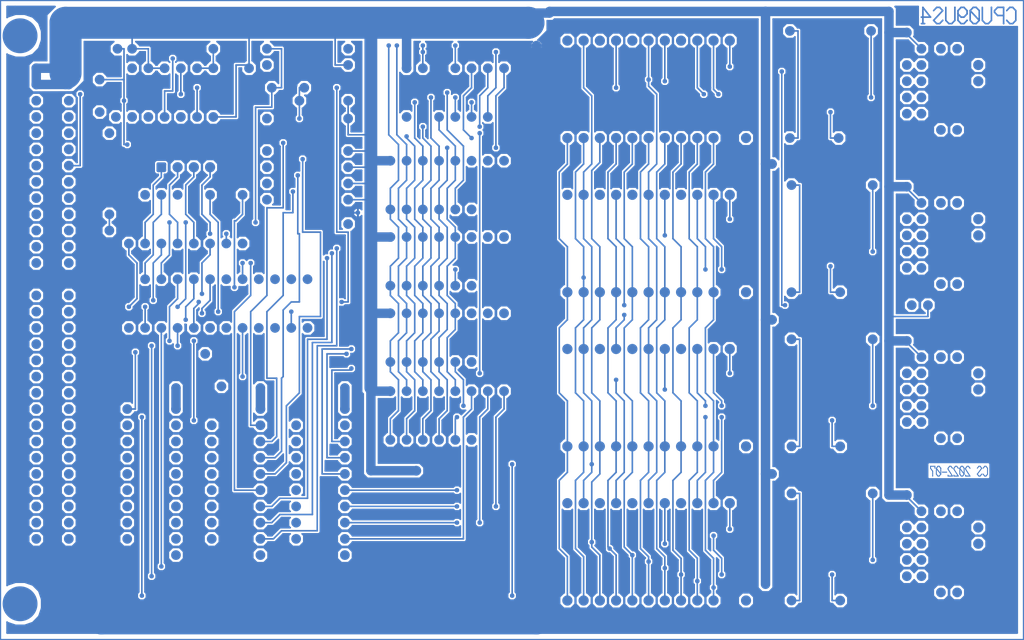
<source format=kicad_pcb>
(kicad_pcb (version 20240928) (generator "gerbview") (generator_version "9.0")
  (layers (0 F.Cu signal) (2 B.Cu signal) (1 F.Mask user) (3 B.Mask user) (5 F.SilkS user) (7 B.SilkS user) (13 F.Paste user) (15 B.Paste user) (25 Edge.Cuts user))
  (segment (start 15.748 -54.356) (end 15.748 -54.356) (width 5.0038) (layer B.Cu) (net 0))
  (segment (start 15.748 -54.356) (end 15.748 -3.302) (width 5.0038) (layer B.Cu) (net 0))
  (segment (start 15.748 -3.302) (end 83.82 -3.302) (width 5.0038) (layer B.Cu) (net 0))
  (segment (start 83.82 -3.302) (end 83.82 -81.788) (width 5.0038) (layer B.Cu) (net 0))
  (segment (start 157.988 -3.302) (end 157.988 -3.302) (width 2.0066) (layer B.Cu) (net 0))
  (segment (start 157.988 -3.302) (end 83.82 -3.302) (width 2.0066) (layer B.Cu) (net 0))
  (segment (start 157.988 -3.302) (end 157.988 -3.302) (width 1.4732) (layer B.Cu) (net 0))
  (segment (start 157.988 -3.302) (end 157.988 -5.08) (width 1.4732) (layer B.Cu) (net 0))
  (segment (start 157.988 -5.08) (end 158.242 -5.08) (width 1.4732) (layer B.Cu) (net 0))
  (segment (start 158.242 -5.08) (end 158.242 -94.996) (width 1.4732) (layer B.Cu) (net 0))
  (segment (start 158.242 -94.996) (end 144.018 -94.996) (width 1.4732) (layer B.Cu) (net 0))
  (segment (start 123.698 -6.096) (end 123.698 -6.096) (width 0.254) (layer B.Cu) (net 0))
  (segment (start 123.698 -6.096) (end 124.968 -6.096) (width 0.254) (layer B.Cu) (net 0))
  (segment (start 124.968 -6.096) (end 124.968 -22.86) (width 0.254) (layer B.Cu) (net 0))
  (segment (start 124.968 -22.86) (end 123.698 -22.86) (width 0.254) (layer B.Cu) (net 0))
  (segment (start 131.318 -6.096) (end 131.318 -6.096) (width 0.254) (layer B.Cu) (net 0))
  (segment (start 131.318 -6.096) (end 130.048 -6.096) (width 0.254) (layer B.Cu) (net 0))
  (segment (start 130.048 -6.096) (end 130.048 -10.16) (width 0.254) (layer B.Cu) (net 0))
  (segment (start 19.812 -13.208) (end 19.812 -13.208) (width 1.4732) (layer B.Cu) (net 0))
  (segment (start 19.812 -13.208) (end 5.588 -13.208) (width 1.4732) (layer B.Cu) (net 0))
  (segment (start 5.588 -13.208) (end 5.588 -10.668) (width 1.4732) (layer B.Cu) (net 0))
  (segment (start 5.588 -10.668) (end 14.478 -10.668) (width 1.4732) (layer B.Cu) (net 0))
  (segment (start 14.478 -10.668) (end 14.478 -13.208) (width 1.4732) (layer B.Cu) (net 0))
  (segment (start 33.02 -13.208) (end 33.02 -13.208) (width 0.254) (layer B.Cu) (net 0))
  (segment (start 33.02 -13.208) (end 35.814 -13.208) (width 0.254) (layer B.Cu) (net 0))
  (segment (start 35.814 -13.208) (end 35.814 -44.45) (width 0.254) (layer B.Cu) (net 0))
  (segment (start 35.814 -44.45) (end 34.544 -44.45) (width 0.254) (layer B.Cu) (net 0))
  (segment (start 34.544 -44.45) (end 34.544 -44.704) (width 0.254) (layer B.Cu) (net 0))
  (segment (start 53.848 -15.748) (end 53.848 -15.748) (width 0.254) (layer B.Cu) (net 0))
  (segment (start 53.848 -15.748) (end 72.39 -15.748) (width 0.254) (layer B.Cu) (net 0))
  (segment (start 72.39 -15.748) (end 72.39 -34.798) (width 0.254) (layer B.Cu) (net 0))
  (segment (start 72.39 -34.798) (end 73.66 -36.068) (width 0.254) (layer B.Cu) (net 0))
  (segment (start 73.66 -36.068) (end 73.66 -38.862) (width 0.254) (layer B.Cu) (net 0))
  (segment (start 40.64 -15.748) (end 40.64 -15.748) (width 0.254) (layer B.Cu) (net 0))
  (segment (start 40.64 -15.748) (end 42.672 -15.748) (width 0.254) (layer B.Cu) (net 0))
  (segment (start 42.672 -15.748) (end 43.942 -17.018) (width 0.254) (layer B.Cu) (net 0))
  (segment (start 43.942 -17.018) (end 49.53 -17.018) (width 0.254) (layer B.Cu) (net 0))
  (segment (start 49.53 -17.018) (end 49.53 -45.974) (width 0.254) (layer B.Cu) (net 0))
  (segment (start 49.53 -45.974) (end 52.578 -45.974) (width 0.254) (layer B.Cu) (net 0))
  (segment (start 52.578 -45.974) (end 52.578 -61.214) (width 0.254) (layer B.Cu) (net 0))
  (segment (start 71.374 -18.288) (end 71.374 -18.288) (width 0.254) (layer B.Cu) (net 0))
  (segment (start 71.374 -18.288) (end 53.848 -18.288) (width 0.254) (layer B.Cu) (net 0))
  (segment (start 40.64 -18.288) (end 40.64 -18.288) (width 0.254) (layer B.Cu) (net 0))
  (segment (start 40.64 -18.288) (end 42.418 -18.288) (width 0.254) (layer B.Cu) (net 0))
  (segment (start 42.418 -18.288) (end 43.688 -19.558) (width 0.254) (layer B.Cu) (net 0))
  (segment (start 43.688 -19.558) (end 48.768 -19.558) (width 0.254) (layer B.Cu) (net 0))
  (segment (start 48.768 -19.558) (end 48.768 -46.482) (width 0.254) (layer B.Cu) (net 0))
  (segment (start 48.768 -46.482) (end 51.816 -46.482) (width 0.254) (layer B.Cu) (net 0))
  (segment (start 51.816 -46.482) (end 51.816 -60.452) (width 0.254) (layer B.Cu) (net 0))
  (segment (start 158.242 -20.066) (end 158.242 -20.066) (width 1.4732) (layer B.Cu) (net 0))
  (segment (start 158.242 -20.066) (end 152.908 -20.066) (width 1.4732) (layer B.Cu) (net 0))
  (segment (start 40.64 -20.828) (end 40.64 -20.828) (width 0.254) (layer B.Cu) (net 0))
  (segment (start 40.64 -20.828) (end 42.418 -20.828) (width 0.254) (layer B.Cu) (net 0))
  (segment (start 42.418 -20.828) (end 43.688 -22.098) (width 0.254) (layer B.Cu) (net 0))
  (segment (start 43.688 -22.098) (end 48.006 -22.098) (width 0.254) (layer B.Cu) (net 0))
  (segment (start 48.006 -22.098) (end 48.006 -46.99) (width 0.254) (layer B.Cu) (net 0))
  (segment (start 48.006 -46.99) (end 51.054 -46.99) (width 0.254) (layer B.Cu) (net 0))
  (segment (start 51.054 -46.99) (end 51.054 -59.69) (width 0.254) (layer B.Cu) (net 0))
  (segment (start 71.374 -20.828) (end 71.374 -20.828) (width 0.254) (layer B.Cu) (net 0))
  (segment (start 71.374 -20.828) (end 53.848 -20.828) (width 0.254) (layer B.Cu) (net 0))
  (segment (start 141.732 -22.606) (end 141.732 -22.606) (width 1.4732) (layer B.Cu) (net 0))
  (segment (start 141.732 -22.606) (end 138.938 -22.606) (width 1.4732) (layer B.Cu) (net 0))
  (segment (start 138.938 -22.606) (end 138.938 -98.298) (width 1.4732) (layer B.Cu) (net 0))
  (segment (start 138.938 -98.298) (end 85.852 -98.298) (width 1.4732) (layer B.Cu) (net 0))
  (segment (start 85.852 -98.298) (end 85.852 -98.044) (width 1.4732) (layer B.Cu) (net 0))
  (segment (start 85.852 -98.044) (end 83.058 -98.044) (width 1.4732) (layer B.Cu) (net 0))
  (segment (start 158.242 -22.606) (end 158.242 -22.606) (width 1.4732) (layer B.Cu) (net 0))
  (segment (start 158.242 -22.606) (end 144.018 -22.606) (width 1.4732) (layer B.Cu) (net 0))
  (segment (start 40.64 -23.368) (end 40.64 -23.368) (width 0.254) (layer B.Cu) (net 0))
  (segment (start 40.64 -23.368) (end 36.576 -23.368) (width 0.254) (layer B.Cu) (net 0))
  (segment (start 36.576 -23.368) (end 36.576 -51.308) (width 0.254) (layer B.Cu) (net 0))
  (segment (start 36.576 -51.308) (end 39.116 -53.848) (width 0.254) (layer B.Cu) (net 0))
  (segment (start 39.116 -53.848) (end 39.116 -58.928) (width 0.254) (layer B.Cu) (net 0))
  (segment (start 71.374 -23.368) (end 71.374 -23.368) (width 0.254) (layer B.Cu) (net 0))
  (segment (start 71.374 -23.368) (end 53.848 -23.368) (width 0.254) (layer B.Cu) (net 0))
  (segment (start 120.65 -25.908) (end 120.65 -25.908) (width 1.4732) (layer B.Cu) (net 0))
  (segment (start 120.65 -25.908) (end 119.634 -25.908) (width 1.4732) (layer B.Cu) (net 0))
  (segment (start 53.848 -25.908) (end 53.848 -25.908) (width 0.254) (layer B.Cu) (net 0))
  (segment (start 53.848 -25.908) (end 50.292 -25.908) (width 0.254) (layer B.Cu) (net 0))
  (segment (start 50.292 -25.908) (end 50.292 -45.466) (width 0.254) (layer B.Cu) (net 0))
  (segment (start 50.292 -45.466) (end 54.864 -45.466) (width 0.254) (layer B.Cu) (net 0))
  (segment (start 40.64 -25.908) (end 40.64 -25.908) (width 0.254) (layer B.Cu) (net 0))
  (segment (start 40.64 -25.908) (end 42.926 -25.908) (width 0.254) (layer B.Cu) (net 0))
  (segment (start 42.926 -25.908) (end 44.704 -27.686) (width 0.254) (layer B.Cu) (net 0))
  (segment (start 44.704 -27.686) (end 44.704 -36.576) (width 0.254) (layer B.Cu) (net 0))
  (segment (start 44.704 -36.576) (end 46.736 -38.608) (width 0.254) (layer B.Cu) (net 0))
  (segment (start 46.736 -38.608) (end 46.736 -50.546) (width 0.254) (layer B.Cu) (net 0))
  (segment (start 46.736 -50.546) (end 50.038 -50.546) (width 0.254) (layer B.Cu) (net 0))
  (segment (start 50.038 -50.546) (end 50.038 -63.754) (width 0.254) (layer B.Cu) (net 0))
  (segment (start 50.038 -63.754) (end 47.244 -63.754) (width 0.254) (layer B.Cu) (net 0))
  (segment (start 47.244 -63.754) (end 47.244 -75.184) (width 0.254) (layer B.Cu) (net 0))
  (segment (start 65.024 -26.416) (end 65.024 -26.416) (width 1.4732) (layer B.Cu) (net 0))
  (segment (start 65.024 -26.416) (end 57.912 -26.416) (width 1.4732) (layer B.Cu) (net 0))
  (segment (start 57.912 -26.416) (end 57.912 -39.37) (width 1.4732) (layer B.Cu) (net 0))
  (segment (start 53.848 -28.448) (end 53.848 -28.448) (width 0.254) (layer B.Cu) (net 0))
  (segment (start 53.848 -28.448) (end 51.054 -28.448) (width 0.254) (layer B.Cu) (net 0))
  (segment (start 51.054 -28.448) (end 51.054 -44.704) (width 0.254) (layer B.Cu) (net 0))
  (segment (start 51.054 -44.704) (end 54.102 -44.704) (width 0.254) (layer B.Cu) (net 0))
  (segment (start 40.64 -28.448) (end 40.64 -28.448) (width 0.254) (layer B.Cu) (net 0))
  (segment (start 40.64 -28.448) (end 42.926 -28.448) (width 0.254) (layer B.Cu) (net 0))
  (segment (start 42.926 -28.448) (end 43.942 -29.464) (width 0.254) (layer B.Cu) (net 0))
  (segment (start 43.942 -29.464) (end 43.942 -40.894) (width 0.254) (layer B.Cu) (net 0))
  (segment (start 43.942 -40.894) (end 44.196 -41.148) (width 0.254) (layer B.Cu) (net 0))
  (segment (start 44.196 -41.148) (end 44.196 -51.562) (width 0.254) (layer B.Cu) (net 0))
  (segment (start 44.196 -51.562) (end 45.466 -52.832) (width 0.254) (layer B.Cu) (net 0))
  (segment (start 45.466 -52.832) (end 46.736 -52.832) (width 0.254) (layer B.Cu) (net 0))
  (segment (start 46.736 -52.832) (end 46.736 -63.5) (width 0.254) (layer B.Cu) (net 0))
  (segment (start 46.736 -63.5) (end 46.482 -63.5) (width 0.254) (layer B.Cu) (net 0))
  (segment (start 46.482 -63.5) (end 46.482 -72.644) (width 0.254) (layer B.Cu) (net 0))
  (segment (start 123.698 -30.226) (end 123.698 -30.226) (width 0.254) (layer B.Cu) (net 0))
  (segment (start 123.698 -30.226) (end 124.968 -30.226) (width 0.254) (layer B.Cu) (net 0))
  (segment (start 124.968 -30.226) (end 124.968 -46.99) (width 0.254) (layer B.Cu) (net 0))
  (segment (start 124.968 -46.99) (end 123.698 -46.99) (width 0.254) (layer B.Cu) (net 0))
  (segment (start 131.318 -30.226) (end 131.318 -30.226) (width 0.254) (layer B.Cu) (net 0))
  (segment (start 131.318 -30.226) (end 130.048 -30.226) (width 0.254) (layer B.Cu) (net 0))
  (segment (start 130.048 -30.226) (end 130.048 -34.29) (width 0.254) (layer B.Cu) (net 0))
  (segment (start 53.848 -30.988) (end 53.848 -30.988) (width 0.254) (layer B.Cu) (net 0))
  (segment (start 53.848 -30.988) (end 51.816 -30.988) (width 0.254) (layer B.Cu) (net 0))
  (segment (start 51.816 -30.988) (end 51.816 -42.164) (width 0.254) (layer B.Cu) (net 0))
  (segment (start 51.816 -42.164) (end 54.864 -42.164) (width 0.254) (layer B.Cu) (net 0))
  (segment (start 54.864 -42.164) (end 54.864 -42.418) (width 0.254) (layer B.Cu) (net 0))
  (segment (start 40.64 -30.988) (end 40.64 -30.988) (width 0.254) (layer B.Cu) (net 0))
  (segment (start 40.64 -30.988) (end 42.418 -30.988) (width 0.254) (layer B.Cu) (net 0))
  (segment (start 42.418 -30.988) (end 43.18 -31.75) (width 0.254) (layer B.Cu) (net 0))
  (segment (start 43.18 -31.75) (end 43.18 -40.894) (width 0.254) (layer B.Cu) (net 0))
  (segment (start 43.18 -40.894) (end 41.656 -40.894) (width 0.254) (layer B.Cu) (net 0))
  (segment (start 41.656 -40.894) (end 41.656 -51.308) (width 0.254) (layer B.Cu) (net 0))
  (segment (start 41.656 -51.308) (end 44.196 -53.848) (width 0.254) (layer B.Cu) (net 0))
  (segment (start 44.196 -53.848) (end 44.196 -66.802) (width 0.254) (layer B.Cu) (net 0))
  (segment (start 44.196 -66.802) (end 45.72 -66.802) (width 0.254) (layer B.Cu) (net 0))
  (segment (start 45.72 -66.802) (end 45.72 -70.104) (width 0.254) (layer B.Cu) (net 0))
  (segment (start 83.82 -31.242) (end 83.82 -31.242) (width 1.4732) (layer B.Cu) (net 0))
  (segment (start 83.82 -31.242) (end 78.74 -31.242) (width 1.4732) (layer B.Cu) (net 0))
  (segment (start 40.64 -33.528) (end 40.64 -33.528) (width 0.254) (layer B.Cu) (net 0))
  (segment (start 40.64 -33.528) (end 39.116 -33.528) (width 0.254) (layer B.Cu) (net 0))
  (segment (start 39.116 -33.528) (end 39.116 -51.308) (width 0.254) (layer B.Cu) (net 0))
  (segment (start 39.116 -51.308) (end 41.656 -53.848) (width 0.254) (layer B.Cu) (net 0))
  (segment (start 41.656 -53.848) (end 41.656 -67.564) (width 0.254) (layer B.Cu) (net 0))
  (segment (start 41.656 -67.564) (end 44.196 -67.564) (width 0.254) (layer B.Cu) (net 0))
  (segment (start 44.196 -67.564) (end 44.196 -77.724) (width 0.254) (layer B.Cu) (net 0))
  (segment (start 19.812 -36.068) (end 19.812 -36.068) (width 0.254) (layer B.Cu) (net 0))
  (segment (start 19.812 -36.068) (end 21.082 -36.068) (width 0.254) (layer B.Cu) (net 0))
  (segment (start 21.082 -36.068) (end 21.082 -44.958) (width 0.254) (layer B.Cu) (net 0))
  (segment (start 35.814 -36.068) (end 35.814 -36.068) (width 0.254) (layer B.Cu) (net 0))
  (segment (start 35.814 -36.068) (end 33.02 -36.068) (width 0.254) (layer B.Cu) (net 0))
  (segment (start 60.96 -38.862) (end 60.96 -38.862) (width 1.4732) (layer B.Cu) (net 0))
  (segment (start 60.96 -38.862) (end 57.912 -38.862) (width 1.4732) (layer B.Cu) (net 0))
  (segment (start 53.086 -43.434) (end 53.086 -43.434) (width 0.254) (layer B.Cu) (net 0))
  (segment (start 53.086 -43.434) (end 55.88 -43.434) (width 0.254) (layer B.Cu) (net 0))
  (segment (start 55.88 -43.434) (end 55.88 -66.802) (width 0.254) (layer B.Cu) (net 0))
  (segment (start 83.82 -43.434) (end 83.82 -43.434) (width 1.4732) (layer B.Cu) (net 0))
  (segment (start 83.82 -43.434) (end 78.74 -43.434) (width 1.4732) (layer B.Cu) (net 0))
  (segment (start 158.242 -44.196) (end 158.242 -44.196) (width 1.4732) (layer B.Cu) (net 0))
  (segment (start 158.242 -44.196) (end 152.908 -44.196) (width 1.4732) (layer B.Cu) (net 0))
  (segment (start 19.304 -44.704) (end 19.304 -44.704) (width 0.254) (layer B.Cu) (net 0))
  (segment (start 19.304 -44.704) (end 15.748 -44.704) (width 0.254) (layer B.Cu) (net 0))
  (segment (start 158.242 -46.736) (end 158.242 -46.736) (width 1.4732) (layer B.Cu) (net 0))
  (segment (start 158.242 -46.736) (end 144.018 -46.736) (width 1.4732) (layer B.Cu) (net 0))
  (segment (start 141.732 -46.736) (end 141.732 -46.736) (width 1.4732) (layer B.Cu) (net 0))
  (segment (start 141.732 -46.736) (end 138.938 -46.736) (width 1.4732) (layer B.Cu) (net 0))
  (segment (start 120.65 -50.038) (end 120.65 -50.038) (width 1.4732) (layer B.Cu) (net 0))
  (segment (start 120.65 -50.038) (end 119.634 -50.038) (width 1.4732) (layer B.Cu) (net 0))
  (segment (start 139.192 -50.546) (end 139.192 -50.546) (width 0.254) (layer B.Cu) (net 0))
  (segment (start 139.192 -50.546) (end 145.034 -50.546) (width 0.254) (layer B.Cu) (net 0))
  (segment (start 145.034 -50.546) (end 145.034 -52.324) (width 0.254) (layer B.Cu) (net 0))
  (segment (start 60.96 -51.054) (end 60.96 -51.054) (width 1.4732) (layer B.Cu) (net 0))
  (segment (start 60.96 -51.054) (end 57.912 -51.054) (width 1.4732) (layer B.Cu) (net 0))
  (segment (start 122.682 -52.324) (end 122.682 -52.324) (width 0.254) (layer B.Cu) (net 0))
  (segment (start 122.682 -52.324) (end 122.174 -52.324) (width 0.254) (layer B.Cu) (net 0))
  (segment (start 122.174 -52.324) (end 122.174 -88.9) (width 0.254) (layer B.Cu) (net 0))
  (segment (start 53.34 -52.832) (end 53.34 -52.832) (width 0.254) (layer B.Cu) (net 0))
  (segment (start 53.34 -52.832) (end 54.356 -52.832) (width 0.254) (layer B.Cu) (net 0))
  (segment (start 54.356 -52.832) (end 54.356 -63.754) (width 0.254) (layer B.Cu) (net 0))
  (segment (start 54.356 -63.754) (end 52.578 -63.754) (width 0.254) (layer B.Cu) (net 0))
  (segment (start 52.578 -63.754) (end 52.578 -86.36) (width 0.254) (layer B.Cu) (net 0))
  (segment (start 123.698 -54.356) (end 123.698 -54.356) (width 0.254) (layer B.Cu) (net 0))
  (segment (start 123.698 -54.356) (end 124.968 -54.356) (width 0.254) (layer B.Cu) (net 0))
  (segment (start 124.968 -54.356) (end 124.968 -71.12) (width 0.254) (layer B.Cu) (net 0))
  (segment (start 124.968 -71.12) (end 123.698 -71.12) (width 0.254) (layer B.Cu) (net 0))
  (segment (start 131.318 -54.356) (end 131.318 -54.356) (width 0.254) (layer B.Cu) (net 0))
  (segment (start 131.318 -54.356) (end 129.794 -54.356) (width 0.254) (layer B.Cu) (net 0))
  (segment (start 129.794 -54.356) (end 129.794 -58.42) (width 0.254) (layer B.Cu) (net 0))
  (segment (start 83.82 -55.372) (end 83.82 -55.372) (width 1.4732) (layer B.Cu) (net 0))
  (segment (start 83.82 -55.372) (end 78.74 -55.372) (width 1.4732) (layer B.Cu) (net 0))
  (segment (start 20.066 -56.388) (end 20.066 -56.388) (width 1.4732) (layer B.Cu) (net 0))
  (segment (start 20.066 -56.388) (end 5.588 -56.388) (width 1.4732) (layer B.Cu) (net 0))
  (segment (start 60.96 -62.992) (end 60.96 -62.992) (width 1.4732) (layer B.Cu) (net 0))
  (segment (start 60.96 -62.992) (end 57.912 -62.992) (width 1.4732) (layer B.Cu) (net 0))
  (segment (start 36.576 -55.118) (end 36.576 -55.118) (width 0.254) (layer B.Cu) (net 0))
  (segment (start 36.576 -55.118) (end 36.576 -65.532) (width 0.254) (layer B.Cu) (net 0))
  (segment (start 36.576 -65.532) (end 36.83 -65.532) (width 0.254) (layer B.Cu) (net 0))
  (segment (start 36.83 -65.532) (end 37.846 -66.548) (width 0.254) (layer B.Cu) (net 0))
  (segment (start 37.846 -66.548) (end 37.846 -69.596) (width 0.254) (layer B.Cu) (net 0))
  (segment (start 83.82 -67.31) (end 83.82 -67.31) (width 1.4732) (layer B.Cu) (net 0))
  (segment (start 83.82 -67.31) (end 78.74 -67.31) (width 1.4732) (layer B.Cu) (net 0))
  (segment (start 158.242 -68.326) (end 158.242 -68.326) (width 1.4732) (layer B.Cu) (net 0))
  (segment (start 158.242 -68.326) (end 152.908 -68.326) (width 1.4732) (layer B.Cu) (net 0))
  (segment (start 57.658 -68.834) (end 57.658 -68.834) (width 0.254) (layer B.Cu) (net 0))
  (segment (start 57.658 -68.834) (end 54.356 -68.834) (width 0.254) (layer B.Cu) (net 0))
  (segment (start 20.066 -69.596) (end 20.066 -69.596) (width 1.4732) (layer B.Cu) (net 0))
  (segment (start 20.066 -69.596) (end 13.97 -69.596) (width 1.4732) (layer B.Cu) (net 0))
  (segment (start 158.242 -70.866) (end 158.242 -70.866) (width 1.4732) (layer B.Cu) (net 0))
  (segment (start 158.242 -70.866) (end 144.018 -70.866) (width 1.4732) (layer B.Cu) (net 0))
  (segment (start 141.732 -70.866) (end 141.732 -70.866) (width 1.4732) (layer B.Cu) (net 0))
  (segment (start 141.732 -70.866) (end 138.938 -70.866) (width 1.4732) (layer B.Cu) (net 0))
  (segment (start 57.658 -71.374) (end 57.658 -71.374) (width 0.254) (layer B.Cu) (net 0))
  (segment (start 57.658 -71.374) (end 54.356 -71.374) (width 0.254) (layer B.Cu) (net 0))
  (segment (start 57.912 -73.914) (end 57.912 -73.914) (width 0.254) (layer B.Cu) (net 0))
  (segment (start 57.912 -73.914) (end 54.356 -73.914) (width 0.254) (layer B.Cu) (net 0))
  (segment (start 10.668 -74.168) (end 10.668 -74.168) (width 0.254) (layer B.Cu) (net 0))
  (segment (start 10.668 -74.168) (end 12.446 -74.168) (width 0.254) (layer B.Cu) (net 0))
  (segment (start 12.446 -74.168) (end 12.446 -85.344) (width 0.254) (layer B.Cu) (net 0))
  (segment (start 120.65 -74.422) (end 120.65 -74.422) (width 1.4732) (layer B.Cu) (net 0))
  (segment (start 120.65 -74.422) (end 119.634 -74.422) (width 1.4732) (layer B.Cu) (net 0))
  (segment (start 60.96 -74.93) (end 60.96 -74.93) (width 1.4732) (layer B.Cu) (net 0))
  (segment (start 60.96 -74.93) (end 57.912 -74.93) (width 1.4732) (layer B.Cu) (net 0))
  (segment (start 13.97 -75.438) (end 13.97 -75.438) (width 0.254) (layer B.Cu) (net 0))
  (segment (start 13.97 -75.438) (end 18.288 -75.438) (width 0.254) (layer B.Cu) (net 0))
  (segment (start 18.288 -75.438) (end 18.288 -76.454) (width 0.254) (layer B.Cu) (net 0))
  (segment (start 18.288 -76.454) (end 38.1 -76.454) (width 0.254) (layer B.Cu) (net 0))
  (segment (start 38.1 -76.454) (end 38.1 -84.328) (width 0.254) (layer B.Cu) (net 0))
  (segment (start 38.1 -84.328) (end 38.862 -84.328) (width 0.254) (layer B.Cu) (net 0))
  (segment (start 57.658 -76.454) (end 57.658 -76.454) (width 0.254) (layer B.Cu) (net 0))
  (segment (start 57.658 -76.454) (end 54.356 -76.454) (width 0.254) (layer B.Cu) (net 0))
  (segment (start 19.812 -77.47) (end 19.812 -77.47) (width 0.254) (layer B.Cu) (net 0))
  (segment (start 19.812 -77.47) (end 19.304 -77.47) (width 0.254) (layer B.Cu) (net 0))
  (segment (start 19.304 -77.47) (end 19.304 -92.456) (width 0.254) (layer B.Cu) (net 0))
  (segment (start 19.304 -92.456) (end 18.288 -92.456) (width 0.254) (layer B.Cu) (net 0))
  (segment (start 131.064 -78.486) (end 131.064 -78.486) (width 0.254) (layer B.Cu) (net 0))
  (segment (start 131.064 -78.486) (end 129.794 -78.486) (width 0.254) (layer B.Cu) (net 0))
  (segment (start 129.794 -78.486) (end 129.794 -82.55) (width 0.254) (layer B.Cu) (net 0))
  (segment (start 123.444 -78.486) (end 123.444 -78.486) (width 0.254) (layer B.Cu) (net 0))
  (segment (start 123.444 -78.486) (end 124.714 -78.486) (width 0.254) (layer B.Cu) (net 0))
  (segment (start 124.714 -78.486) (end 124.714 -95.25) (width 0.254) (layer B.Cu) (net 0))
  (segment (start 124.714 -95.25) (end 123.444 -95.25) (width 0.254) (layer B.Cu) (net 0))
  (segment (start 57.912 -78.994) (end 57.912 -78.994) (width 0.254) (layer B.Cu) (net 0))
  (segment (start 57.912 -78.994) (end 54.356 -78.994) (width 0.254) (layer B.Cu) (net 0))
  (segment (start 54.356 -78.994) (end 54.356 -84.328) (width 0.254) (layer B.Cu) (net 0))
  (segment (start 83.82 -81.788) (end 83.82 -81.788) (width 1.4732) (layer B.Cu) (net 0))
  (segment (start 83.82 -81.788) (end 78.74 -81.788) (width 1.4732) (layer B.Cu) (net 0))
  (segment (start 33.274 -81.788) (end 33.274 -81.788) (width 0.254) (layer B.Cu) (net 0))
  (segment (start 33.274 -81.788) (end 36.83 -81.788) (width 0.254) (layer B.Cu) (net 0))
  (segment (start 36.83 -81.788) (end 36.83 -89.916) (width 0.254) (layer B.Cu) (net 0))
  (segment (start 36.83 -89.916) (end 38.862 -89.916) (width 0.254) (layer B.Cu) (net 0))
  (segment (start 39.878 -65.278) (end 39.878 -65.278) (width 0.254) (layer B.Cu) (net 0))
  (segment (start 39.878 -65.278) (end 39.878 -83.312) (width 0.254) (layer B.Cu) (net 0))
  (segment (start 39.878 -83.312) (end 42.418 -83.312) (width 0.254) (layer B.Cu) (net 0))
  (segment (start 42.418 -83.312) (end 42.418 -86.36) (width 0.254) (layer B.Cu) (net 0))
  (segment (start 42.418 -86.36) (end 43.942 -86.36) (width 0.254) (layer B.Cu) (net 0))
  (segment (start 43.942 -86.36) (end 43.942 -92.456) (width 0.254) (layer B.Cu) (net 0))
  (segment (start 43.942 -92.456) (end 41.656 -92.456) (width 0.254) (layer B.Cu) (net 0))
  (segment (start 25.654 -81.788) (end 25.654 -81.788) (width 0.254) (layer B.Cu) (net 0))
  (segment (start 25.654 -81.788) (end 25.654 -85.852) (width 0.254) (layer B.Cu) (net 0))
  (segment (start 25.654 -85.852) (end 26.924 -85.852) (width 0.254) (layer B.Cu) (net 0))
  (segment (start 26.924 -85.852) (end 26.924 -90.932) (width 0.254) (layer B.Cu) (net 0))
  (segment (start 47.498 -86.36) (end 47.498 -86.36) (width 0.254) (layer B.Cu) (net 0))
  (segment (start 47.498 -86.36) (end 46.736 -86.36) (width 0.254) (layer B.Cu) (net 0))
  (segment (start 46.736 -86.36) (end 46.736 -81.534) (width 0.254) (layer B.Cu) (net 0))
  (segment (start 10.668 -86.868) (end 10.668 -86.868) (width 1.4732) (layer B.Cu) (net 0))
  (segment (start 10.668 -86.868) (end 5.588 -86.868) (width 1.4732) (layer B.Cu) (net 0))
  (segment (start 5.588 -86.868) (end 5.588 -89.408) (width 1.4732) (layer B.Cu) (net 0))
  (segment (start 5.588 -89.408) (end 10.668 -89.408) (width 1.4732) (layer B.Cu) (net 0))
  (segment (start 19.304 -87.63) (end 19.304 -87.63) (width 0.254) (layer B.Cu) (net 0))
  (segment (start 19.304 -87.63) (end 15.494 -87.63) (width 0.254) (layer B.Cu) (net 0))
  (segment (start 18.034 -89.408) (end 18.034 -89.408) (width 1.016) (layer B.Cu) (net 0))
  (segment (start 18.034 -89.408) (end 13.716 -89.408) (width 1.016) (layer B.Cu) (net 0))
  (segment (start 13.716 -89.408) (end 13.716 -73.914) (width 1.016) (layer B.Cu) (net 0))
  (segment (start 25.654 -89.408) (end 25.654 -89.408) (width 0.254) (layer B.Cu) (net 0))
  (segment (start 25.654 -89.408) (end 23.114 -89.408) (width 0.254) (layer B.Cu) (net 0))
  (segment (start 23.114 -89.408) (end 23.114 -92.456) (width 0.254) (layer B.Cu) (net 0))
  (segment (start 23.114 -92.456) (end 20.574 -92.456) (width 0.254) (layer B.Cu) (net 0))
  (segment (start 20.574 -92.456) (end 20.574 -96.52) (width 0.254) (layer B.Cu) (net 0))
  (segment (start 30.734 -89.408) (end 30.734 -89.408) (width 0.254) (layer B.Cu) (net 0))
  (segment (start 30.734 -89.408) (end 33.274 -89.408) (width 0.254) (layer B.Cu) (net 0))
  (segment (start 33.274 -89.408) (end 33.274 -92.456) (width 0.254) (layer B.Cu) (net 0))
  (segment (start 54.356 -89.916) (end 54.356 -89.916) (width 0.254) (layer B.Cu) (net 0))
  (segment (start 54.356 -89.916) (end 52.324 -89.916) (width 0.254) (layer B.Cu) (net 0))
  (segment (start 52.324 -89.916) (end 52.324 -96.52) (width 0.254) (layer B.Cu) (net 0))
  (segment (start 158.242 -92.456) (end 158.242 -92.456) (width 1.4732) (layer B.Cu) (net 0))
  (segment (start 158.242 -92.456) (end 152.908 -92.456) (width 1.4732) (layer B.Cu) (net 0))
  (segment (start 141.732 -94.996) (end 141.732 -94.996) (width 1.4732) (layer B.Cu) (net 0))
  (segment (start 141.732 -94.996) (end 138.938 -94.996) (width 1.4732) (layer B.Cu) (net 0))
  (segment (start 82.55 -96.52) (end 82.55 -96.52) (width 5.0038) (layer B.Cu) (net 0))
  (segment (start 82.55 -96.52) (end 10.16 -96.52) (width 5.0038) (layer B.Cu) (net 0))
  (segment (start 10.16 -96.52) (end 10.16 -88.646) (width 5.0038) (layer B.Cu) (net 0))
  (segment (start 10.16 -89.408) (end 10.16 -89.408) (width 1.4732) (layer B.Cu) (net 0))
  (segment (start 10.16 -89.408) (end 10.16 -86.868) (width 1.4732) (layer B.Cu) (net 0))
  (segment (start 10.668 -13.208) (end 10.668 -13.208) (width 1.4732) (layer B.Cu) (net 0))
  (segment (start 10.668 -13.208) (end 10.668 -10.668) (width 1.4732) (layer B.Cu) (net 0))
  (segment (start 13.97 -75.438) (end 13.97 -75.438) (width 1.4732) (layer B.Cu) (net 0))
  (segment (start 13.97 -75.438) (end 13.97 -54.356) (width 1.4732) (layer B.Cu) (net 0))
  (segment (start 17.018 -66.548) (end 17.018 -66.548) (width 0.254) (layer B.Cu) (net 0))
  (segment (start 17.018 -66.548) (end 17.018 -64.008) (width 0.254) (layer B.Cu) (net 0))
  (segment (start 20.066 -61.976) (end 20.066 -61.976) (width 0.254) (layer B.Cu) (net 0))
  (segment (start 20.066 -61.976) (end 20.066 -60.198) (width 0.254) (layer B.Cu) (net 0))
  (segment (start 20.066 -60.198) (end 21.336 -58.928) (width 0.254) (layer B.Cu) (net 0))
  (segment (start 21.336 -58.928) (end 21.336 -53.34) (width 0.254) (layer B.Cu) (net 0))
  (segment (start 21.336 -53.34) (end 20.066 -52.07) (width 0.254) (layer B.Cu) (net 0))
  (segment (start 22.098 -34.798) (end 22.098 -34.798) (width 0.254) (layer B.Cu) (net 0))
  (segment (start 22.098 -34.798) (end 22.098 -6.858) (width 0.254) (layer B.Cu) (net 0))
  (segment (start 22.606 -52.07) (end 22.606 -52.07) (width 0.254) (layer B.Cu) (net 0))
  (segment (start 22.606 -52.07) (end 22.606 -48.768) (width 0.254) (layer B.Cu) (net 0))
  (segment (start 22.606 -56.388) (end 22.606 -56.388) (width 0.254) (layer B.Cu) (net 0))
  (segment (start 22.606 -56.388) (end 22.606 -58.928) (width 0.254) (layer B.Cu) (net 0))
  (segment (start 22.606 -58.928) (end 23.876 -60.198) (width 0.254) (layer B.Cu) (net 0))
  (segment (start 23.876 -60.198) (end 23.876 -65.278) (width 0.254) (layer B.Cu) (net 0))
  (segment (start 23.876 -65.278) (end 25.146 -66.548) (width 0.254) (layer B.Cu) (net 0))
  (segment (start 25.146 -66.548) (end 25.146 -69.596) (width 0.254) (layer B.Cu) (net 0))
  (segment (start 22.606 -61.976) (end 22.606 -61.976) (width 0.254) (layer B.Cu) (net 0))
  (segment (start 22.606 -61.976) (end 22.606 -65.278) (width 0.254) (layer B.Cu) (net 0))
  (segment (start 22.606 -65.278) (end 23.876 -66.548) (width 0.254) (layer B.Cu) (net 0))
  (segment (start 23.876 -66.548) (end 23.876 -71.12) (width 0.254) (layer B.Cu) (net 0))
  (segment (start 23.876 -71.12) (end 25.146 -72.39) (width 0.254) (layer B.Cu) (net 0))
  (segment (start 25.146 -72.39) (end 25.146 -73.914) (width 0.254) (layer B.Cu) (net 0))
  (segment (start 23.622 -45.974) (end 23.622 -45.974) (width 0.254) (layer B.Cu) (net 0))
  (segment (start 23.622 -45.974) (end 23.622 -9.906) (width 0.254) (layer B.Cu) (net 0))
  (segment (start 23.876 -53.086) (end 23.876 -53.086) (width 0.254) (layer B.Cu) (net 0))
  (segment (start 23.876 -53.086) (end 23.876 -58.928) (width 0.254) (layer B.Cu) (net 0))
  (segment (start 23.876 -58.928) (end 25.146 -60.198) (width 0.254) (layer B.Cu) (net 0))
  (segment (start 25.146 -60.198) (end 25.146 -61.976) (width 0.254) (layer B.Cu) (net 0))
  (segment (start 25.146 -48.768) (end 25.146 -48.768) (width 0.254) (layer B.Cu) (net 0))
  (segment (start 25.146 -48.768) (end 25.146 -11.43) (width 0.254) (layer B.Cu) (net 0))
  (segment (start 25.146 -56.388) (end 25.146 -56.388) (width 0.254) (layer B.Cu) (net 0))
  (segment (start 25.146 -56.388) (end 25.146 -58.928) (width 0.254) (layer B.Cu) (net 0))
  (segment (start 25.146 -58.928) (end 26.416 -60.198) (width 0.254) (layer B.Cu) (net 0))
  (segment (start 26.416 -60.198) (end 26.416 -65.278) (width 0.254) (layer B.Cu) (net 0))
  (segment (start 25.146 -76.454) (end 25.146 -76.454) (width 0.254) (layer B.Cu) (net 0))
  (segment (start 25.146 -76.454) (end 25.146 -76.0476) (width 0.254) (layer B.Cu) (net 0))
  (segment (start 26.416 -46.736) (end 26.416 -46.736) (width 0.254) (layer B.Cu) (net 0))
  (segment (start 26.416 -46.736) (end 26.416 -52.07) (width 0.254) (layer B.Cu) (net 0))
  (segment (start 26.416 -52.07) (end 27.686 -53.34) (width 0.254) (layer B.Cu) (net 0))
  (segment (start 27.686 -53.34) (end 27.686 -56.388) (width 0.254) (layer B.Cu) (net 0))
  (segment (start 27.686 -61.976) (end 27.686 -61.976) (width 0.254) (layer B.Cu) (net 0))
  (segment (start 27.686 -61.976) (end 27.686 -65.278) (width 0.254) (layer B.Cu) (net 0))
  (segment (start 27.686 -65.278) (end 26.416 -66.548) (width 0.254) (layer B.Cu) (net 0))
  (segment (start 26.416 -66.548) (end 26.416 -71.12) (width 0.254) (layer B.Cu) (net 0))
  (segment (start 26.416 -71.12) (end 27.686 -72.39) (width 0.254) (layer B.Cu) (net 0))
  (segment (start 27.686 -72.39) (end 27.686 -73.914) (width 0.254) (layer B.Cu) (net 0))
  (segment (start 27.432 -39.37) (end 27.432 -39.37) (width 1.4732) (layer B.Cu) (net 0))
  (segment (start 27.432 -39.37) (end 27.432 -36.068) (width 1.4732) (layer B.Cu) (net 0))
  (segment (start 27.686 -76.454) (end 27.686 -76.454) (width 0.254) (layer B.Cu) (net 0))
  (segment (start 27.686 -76.454) (end 27.686 -76.0476) (width 0.254) (layer B.Cu) (net 0))
  (segment (start 27.686 -48.768) (end 27.686 -48.768) (width 0.254) (layer B.Cu) (net 0))
  (segment (start 27.686 -48.768) (end 27.686 -45.974) (width 0.254) (layer B.Cu) (net 0))
  (segment (start 28.194 -89.408) (end 28.194 -89.408) (width 0.254) (layer B.Cu) (net 0))
  (segment (start 28.194 -89.408) (end 28.194 -85.344) (width 0.254) (layer B.Cu) (net 0))
  (segment (start 30.226 -61.976) (end 30.226 -61.976) (width 0.254) (layer B.Cu) (net 0))
  (segment (start 30.226 -61.976) (end 30.226 -65.278) (width 0.254) (layer B.Cu) (net 0))
  (segment (start 30.226 -65.278) (end 28.956 -66.548) (width 0.254) (layer B.Cu) (net 0))
  (segment (start 28.956 -66.548) (end 28.956 -71.12) (width 0.254) (layer B.Cu) (net 0))
  (segment (start 28.956 -71.12) (end 30.226 -72.39) (width 0.254) (layer B.Cu) (net 0))
  (segment (start 30.226 -72.39) (end 30.226 -73.914) (width 0.254) (layer B.Cu) (net 0))
  (segment (start 28.956 -65.278) (end 28.956 -65.278) (width 0.254) (layer B.Cu) (net 0))
  (segment (start 28.956 -65.278) (end 28.956 -53.34) (width 0.254) (layer B.Cu) (net 0))
  (segment (start 28.956 -53.34) (end 27.686 -52.07) (width 0.254) (layer B.Cu) (net 0))
  (segment (start 28.956 -50.038) (end 28.956 -50.038) (width 0.254) (layer B.Cu) (net 0))
  (segment (start 28.956 -50.038) (end 28.956 -52.07) (width 0.254) (layer B.Cu) (net 0))
  (segment (start 28.956 -52.07) (end 30.226 -53.34) (width 0.254) (layer B.Cu) (net 0))
  (segment (start 30.226 -53.34) (end 30.226 -56.388) (width 0.254) (layer B.Cu) (net 0))
  (segment (start 30.226 -46.736) (end 30.226 -46.736) (width 0.254) (layer B.Cu) (net 0))
  (segment (start 30.226 -46.736) (end 30.226 -34.29) (width 0.254) (layer B.Cu) (net 0))
  (segment (start 30.226 -48.768) (end 30.226 -48.768) (width 0.254) (layer B.Cu) (net 0))
  (segment (start 30.226 -48.768) (end 30.226 -51.816) (width 0.254) (layer B.Cu) (net 0))
  (segment (start 30.226 -51.816) (end 30.988 -52.578) (width 0.254) (layer B.Cu) (net 0))
  (segment (start 30.988 -52.578) (end 30.988 -52.832) (width 0.254) (layer B.Cu) (net 0))
  (segment (start 30.226 -69.596) (end 30.226 -69.596) (width 0.254) (layer B.Cu) (net 0))
  (segment (start 30.226 -69.596) (end 30.226 -71.12) (width 0.254) (layer B.Cu) (net 0))
  (segment (start 30.226 -71.12) (end 31.496 -72.39) (width 0.254) (layer B.Cu) (net 0))
  (segment (start 31.496 -72.39) (end 31.496 -76.454) (width 0.254) (layer B.Cu) (net 0))
  (segment (start 30.226 -76.454) (end 30.226 -76.454) (width 0.254) (layer B.Cu) (net 0))
  (segment (start 30.226 -76.454) (end 30.226 -76.0476) (width 0.254) (layer B.Cu) (net 0))
  (segment (start 30.734 -86.36) (end 30.734 -86.36) (width 0.254) (layer B.Cu) (net 0))
  (segment (start 30.734 -86.36) (end 30.734 -81.788) (width 0.254) (layer B.Cu) (net 0))
  (segment (start 32.766 -63.5) (end 32.766 -63.5) (width 0.254) (layer B.Cu) (net 0))
  (segment (start 32.766 -63.5) (end 32.766 -65.278) (width 0.254) (layer B.Cu) (net 0))
  (segment (start 32.766 -65.278) (end 31.496 -66.548) (width 0.254) (layer B.Cu) (net 0))
  (segment (start 31.496 -66.548) (end 31.496 -71.12) (width 0.254) (layer B.Cu) (net 0))
  (segment (start 31.496 -71.12) (end 32.766 -72.39) (width 0.254) (layer B.Cu) (net 0))
  (segment (start 32.766 -72.39) (end 32.766 -73.914) (width 0.254) (layer B.Cu) (net 0))
  (segment (start 31.496 -54.102) (end 31.496 -54.102) (width 0.254) (layer B.Cu) (net 0))
  (segment (start 31.496 -54.102) (end 31.496 -58.928) (width 0.254) (layer B.Cu) (net 0))
  (segment (start 31.496 -58.928) (end 32.766 -60.198) (width 0.254) (layer B.Cu) (net 0))
  (segment (start 32.766 -60.198) (end 32.766 -61.976) (width 0.254) (layer B.Cu) (net 0))
  (segment (start 31.496 -51.054) (end 31.496 -51.054) (width 0.254) (layer B.Cu) (net 0))
  (segment (start 31.496 -51.054) (end 31.496 -51.816) (width 0.254) (layer B.Cu) (net 0))
  (segment (start 31.496 -51.816) (end 32.766 -53.086) (width 0.254) (layer B.Cu) (net 0))
  (segment (start 32.766 -53.086) (end 32.766 -56.388) (width 0.254) (layer B.Cu) (net 0))
  (segment (start 32.766 -69.596) (end 32.766 -69.596) (width 0.254) (layer B.Cu) (net 0))
  (segment (start 32.766 -69.596) (end 32.766 -66.548) (width 0.254) (layer B.Cu) (net 0))
  (segment (start 32.766 -66.548) (end 34.036 -65.278) (width 0.254) (layer B.Cu) (net 0))
  (segment (start 34.036 -65.278) (end 34.036 -51.308) (width 0.254) (layer B.Cu) (net 0))
  (segment (start 32.766 -76.454) (end 32.766 -76.454) (width 0.254) (layer B.Cu) (net 0))
  (segment (start 32.766 -76.454) (end 32.766 -76.073) (width 0.254) (layer B.Cu) (net 0))
  (segment (start 33.02 -13.208) (end 33.02 -13.208) (width 1.4732) (layer B.Cu) (net 0))
  (segment (start 33.02 -13.208) (end 33.02 -3.302) (width 1.4732) (layer B.Cu) (net 0))
  (segment (start 35.306 -63.5) (end 35.306 -63.5) (width 0.254) (layer B.Cu) (net 0))
  (segment (start 35.306 -63.5) (end 35.306 -61.976) (width 0.254) (layer B.Cu) (net 0))
  (segment (start 37.846 -58.928) (end 37.846 -58.928) (width 0.254) (layer B.Cu) (net 0))
  (segment (start 37.846 -58.928) (end 37.846 -56.388) (width 0.254) (layer B.Cu) (net 0))
  (segment (start 37.846 -48.768) (end 37.846 -48.768) (width 0.254) (layer B.Cu) (net 0))
  (segment (start 37.846 -48.768) (end 37.846 -41.148) (width 0.254) (layer B.Cu) (net 0))
  (segment (start 38.862 -96.52) (end 38.862 -96.52) (width 0.254) (layer B.Cu) (net 0))
  (segment (start 38.862 -96.52) (end 38.862 -89.408) (width 0.254) (layer B.Cu) (net 0))
  (segment (start 40.64 -39.37) (end 40.64 -39.37) (width 1.4732) (layer B.Cu) (net 0))
  (segment (start 40.64 -39.37) (end 40.64 -36.068) (width 1.4732) (layer B.Cu) (net 0))
  (segment (start 45.466 -51.308) (end 45.466 -51.308) (width 0.254) (layer B.Cu) (net 0))
  (segment (start 45.466 -51.308) (end 45.466 -48.768) (width 0.254) (layer B.Cu) (net 0))
  (segment (start 46.228 -13.208) (end 46.228 -13.208) (width 1.4732) (layer B.Cu) (net 0))
  (segment (start 46.228 -13.208) (end 46.228 -3.302) (width 1.4732) (layer B.Cu) (net 0))
  (segment (start 53.848 -39.37) (end 53.848 -39.37) (width 1.4732) (layer B.Cu) (net 0))
  (segment (start 53.848 -39.37) (end 53.848 -36.068) (width 1.4732) (layer B.Cu) (net 0))
  (segment (start 57.912 -96.52) (end 57.912 -96.52) (width 2.0066) (layer B.Cu) (net 0))
  (segment (start 57.912 -96.52) (end 57.912 -39.37) (width 2.0066) (layer B.Cu) (net 0))
  (segment (start 60.706 -92.964) (end 60.706 -92.964) (width 0.254) (layer B.Cu) (net 0))
  (segment (start 60.706 -92.964) (end 60.706 -78.994) (width 0.254) (layer B.Cu) (net 0))
  (segment (start 60.706 -78.994) (end 62.23 -77.47) (width 0.254) (layer B.Cu) (net 0))
  (segment (start 62.23 -77.47) (end 62.23 -71.882) (width 0.254) (layer B.Cu) (net 0))
  (segment (start 62.23 -71.882) (end 60.96 -70.612) (width 0.254) (layer B.Cu) (net 0))
  (segment (start 60.96 -70.612) (end 60.96 -65.786) (width 0.254) (layer B.Cu) (net 0))
  (segment (start 60.96 -65.786) (end 62.23 -64.516) (width 0.254) (layer B.Cu) (net 0))
  (segment (start 62.23 -64.516) (end 62.23 -59.69) (width 0.254) (layer B.Cu) (net 0))
  (segment (start 62.23 -59.69) (end 60.96 -58.42) (width 0.254) (layer B.Cu) (net 0))
  (segment (start 60.96 -58.42) (end 60.96 -53.848) (width 0.254) (layer B.Cu) (net 0))
  (segment (start 60.96 -53.848) (end 62.23 -52.578) (width 0.254) (layer B.Cu) (net 0))
  (segment (start 62.23 -52.578) (end 62.23 -48.006) (width 0.254) (layer B.Cu) (net 0))
  (segment (start 62.23 -48.006) (end 60.96 -46.736) (width 0.254) (layer B.Cu) (net 0))
  (segment (start 60.96 -46.736) (end 60.96 -41.91) (width 0.254) (layer B.Cu) (net 0))
  (segment (start 60.96 -41.91) (end 62.23 -40.64) (width 0.254) (layer B.Cu) (net 0))
  (segment (start 62.23 -40.64) (end 62.23 -35.814) (width 0.254) (layer B.Cu) (net 0))
  (segment (start 62.23 -35.814) (end 60.96 -34.544) (width 0.254) (layer B.Cu) (net 0))
  (segment (start 60.96 -34.544) (end 60.96 -31.242) (width 0.254) (layer B.Cu) (net 0))
  (segment (start 61.976 -92.964) (end 61.976 -92.964) (width 0.254) (layer B.Cu) (net 0))
  (segment (start 61.976 -92.964) (end 61.976 -78.994) (width 0.254) (layer B.Cu) (net 0))
  (segment (start 61.976 -78.994) (end 63.5 -77.47) (width 0.254) (layer B.Cu) (net 0))
  (segment (start 63.5 -77.47) (end 63.5 -71.882) (width 0.254) (layer B.Cu) (net 0))
  (segment (start 63.5 -71.882) (end 62.23 -70.612) (width 0.254) (layer B.Cu) (net 0))
  (segment (start 62.23 -70.612) (end 62.23 -65.786) (width 0.254) (layer B.Cu) (net 0))
  (segment (start 62.23 -65.786) (end 63.5 -64.516) (width 0.254) (layer B.Cu) (net 0))
  (segment (start 63.5 -64.516) (end 63.5 -59.69) (width 0.254) (layer B.Cu) (net 0))
  (segment (start 63.5 -59.69) (end 62.23 -58.42) (width 0.254) (layer B.Cu) (net 0))
  (segment (start 62.23 -58.42) (end 62.23 -53.848) (width 0.254) (layer B.Cu) (net 0))
  (segment (start 62.23 -53.848) (end 63.5 -52.578) (width 0.254) (layer B.Cu) (net 0))
  (segment (start 63.5 -52.578) (end 63.5 -48.006) (width 0.254) (layer B.Cu) (net 0))
  (segment (start 63.5 -48.006) (end 62.23 -46.736) (width 0.254) (layer B.Cu) (net 0))
  (segment (start 62.23 -46.736) (end 62.23 -41.91) (width 0.254) (layer B.Cu) (net 0))
  (segment (start 62.23 -41.91) (end 63.5 -40.64) (width 0.254) (layer B.Cu) (net 0))
  (segment (start 63.5 -40.64) (end 63.5 -38.862) (width 0.254) (layer B.Cu) (net 0))
  (segment (start 63.5 -96.266) (end 63.5 -96.266) (width 1.4732) (layer B.Cu) (net 0))
  (segment (start 63.5 -96.266) (end 63.5 -89.408) (width 1.4732) (layer B.Cu) (net 0))
  (segment (start 63.5 -78.74) (end 63.5 -78.74) (width 0.254) (layer B.Cu) (net 0))
  (segment (start 63.5 -78.74) (end 63.5 -78.486) (width 0.254) (layer B.Cu) (net 0))
  (segment (start 63.5 -78.486) (end 64.77 -77.216) (width 0.254) (layer B.Cu) (net 0))
  (segment (start 64.77 -77.216) (end 64.77 -71.882) (width 0.254) (layer B.Cu) (net 0))
  (segment (start 64.77 -71.882) (end 63.5 -70.612) (width 0.254) (layer B.Cu) (net 0))
  (segment (start 63.5 -70.612) (end 63.5 -65.786) (width 0.254) (layer B.Cu) (net 0))
  (segment (start 63.5 -65.786) (end 64.77 -64.516) (width 0.254) (layer B.Cu) (net 0))
  (segment (start 64.77 -64.516) (end 64.77 -59.69) (width 0.254) (layer B.Cu) (net 0))
  (segment (start 64.77 -59.69) (end 63.5 -58.42) (width 0.254) (layer B.Cu) (net 0))
  (segment (start 63.5 -58.42) (end 63.5 -53.848) (width 0.254) (layer B.Cu) (net 0))
  (segment (start 63.5 -53.848) (end 64.77 -52.578) (width 0.254) (layer B.Cu) (net 0))
  (segment (start 64.77 -52.578) (end 64.77 -48.006) (width 0.254) (layer B.Cu) (net 0))
  (segment (start 64.77 -48.006) (end 63.5 -46.736) (width 0.254) (layer B.Cu) (net 0))
  (segment (start 63.5 -46.736) (end 63.5 -41.91) (width 0.254) (layer B.Cu) (net 0))
  (segment (start 63.5 -41.91) (end 64.77 -40.64) (width 0.254) (layer B.Cu) (net 0))
  (segment (start 64.77 -40.64) (end 64.77 -35.814) (width 0.254) (layer B.Cu) (net 0))
  (segment (start 64.77 -35.814) (end 63.5 -34.544) (width 0.254) (layer B.Cu) (net 0))
  (segment (start 63.5 -34.544) (end 63.5 -31.242) (width 0.254) (layer B.Cu) (net 0))
  (segment (start 66.04 -38.862) (end 66.04 -38.862) (width 0.254) (layer B.Cu) (net 0))
  (segment (start 66.04 -38.862) (end 66.04 -40.64) (width 0.254) (layer B.Cu) (net 0))
  (segment (start 66.04 -40.64) (end 64.77 -41.91) (width 0.254) (layer B.Cu) (net 0))
  (segment (start 64.77 -41.91) (end 64.77 -46.736) (width 0.254) (layer B.Cu) (net 0))
  (segment (start 64.77 -46.736) (end 66.04 -48.006) (width 0.254) (layer B.Cu) (net 0))
  (segment (start 66.04 -48.006) (end 66.04 -52.578) (width 0.254) (layer B.Cu) (net 0))
  (segment (start 66.04 -52.578) (end 64.77 -53.848) (width 0.254) (layer B.Cu) (net 0))
  (segment (start 64.77 -53.848) (end 64.77 -58.42) (width 0.254) (layer B.Cu) (net 0))
  (segment (start 64.77 -58.42) (end 66.04 -59.69) (width 0.254) (layer B.Cu) (net 0))
  (segment (start 66.04 -59.69) (end 66.04 -64.516) (width 0.254) (layer B.Cu) (net 0))
  (segment (start 66.04 -64.516) (end 64.77 -65.786) (width 0.254) (layer B.Cu) (net 0))
  (segment (start 64.77 -65.786) (end 64.77 -70.612) (width 0.254) (layer B.Cu) (net 0))
  (segment (start 64.77 -70.612) (end 66.04 -71.882) (width 0.254) (layer B.Cu) (net 0))
  (segment (start 66.04 -71.882) (end 66.04 -77.216) (width 0.254) (layer B.Cu) (net 0))
  (segment (start 66.04 -77.216) (end 64.77 -78.486) (width 0.254) (layer B.Cu) (net 0))
  (segment (start 64.77 -78.486) (end 64.77 -84.074) (width 0.254) (layer B.Cu) (net 0))
  (segment (start 66.04 -92.964) (end 66.04 -92.964) (width 0.254) (layer B.Cu) (net 0))
  (segment (start 66.04 -92.964) (end 66.04 -89.408) (width 0.254) (layer B.Cu) (net 0))
  (segment (start 66.04 -81.788) (end 66.04 -81.788) (width 0.254) (layer B.Cu) (net 0))
  (segment (start 66.04 -81.788) (end 66.04 -85.09) (width 0.254) (layer B.Cu) (net 0))
  (segment (start 66.04 -85.09) (end 68.58 -87.63) (width 0.254) (layer B.Cu) (net 0))
  (segment (start 68.58 -87.63) (end 68.58 -89.408) (width 0.254) (layer B.Cu) (net 0))
  (segment (start 66.04 -80.264) (end 66.04 -80.264) (width 0.254) (layer B.Cu) (net 0))
  (segment (start 66.04 -80.264) (end 66.04 -78.486) (width 0.254) (layer B.Cu) (net 0))
  (segment (start 66.04 -78.486) (end 67.31 -77.216) (width 0.254) (layer B.Cu) (net 0))
  (segment (start 67.31 -77.216) (end 67.31 -71.882) (width 0.254) (layer B.Cu) (net 0))
  (segment (start 67.31 -71.882) (end 66.04 -70.612) (width 0.254) (layer B.Cu) (net 0))
  (segment (start 66.04 -70.612) (end 66.04 -65.786) (width 0.254) (layer B.Cu) (net 0))
  (segment (start 66.04 -65.786) (end 67.31 -64.516) (width 0.254) (layer B.Cu) (net 0))
  (segment (start 67.31 -64.516) (end 67.31 -59.69) (width 0.254) (layer B.Cu) (net 0))
  (segment (start 67.31 -59.69) (end 66.04 -58.42) (width 0.254) (layer B.Cu) (net 0))
  (segment (start 66.04 -58.42) (end 66.04 -53.848) (width 0.254) (layer B.Cu) (net 0))
  (segment (start 66.04 -53.848) (end 67.31 -52.578) (width 0.254) (layer B.Cu) (net 0))
  (segment (start 67.31 -52.578) (end 67.31 -48.006) (width 0.254) (layer B.Cu) (net 0))
  (segment (start 67.31 -48.006) (end 66.04 -46.736) (width 0.254) (layer B.Cu) (net 0))
  (segment (start 66.04 -46.736) (end 66.04 -41.91) (width 0.254) (layer B.Cu) (net 0))
  (segment (start 66.04 -41.91) (end 67.31 -40.64) (width 0.254) (layer B.Cu) (net 0))
  (segment (start 67.31 -40.64) (end 67.31 -35.814) (width 0.254) (layer B.Cu) (net 0))
  (segment (start 67.31 -35.814) (end 66.04 -34.544) (width 0.254) (layer B.Cu) (net 0))
  (segment (start 66.04 -34.544) (end 66.04 -31.242) (width 0.254) (layer B.Cu) (net 0))
  (segment (start 68.58 -38.862) (end 68.58 -38.862) (width 0.254) (layer B.Cu) (net 0))
  (segment (start 68.58 -38.862) (end 68.58 -40.64) (width 0.254) (layer B.Cu) (net 0))
  (segment (start 68.58 -40.64) (end 67.31 -41.91) (width 0.254) (layer B.Cu) (net 0))
  (segment (start 67.31 -41.91) (end 67.31 -46.99) (width 0.254) (layer B.Cu) (net 0))
  (segment (start 67.31 -46.99) (end 68.58 -48.26) (width 0.254) (layer B.Cu) (net 0))
  (segment (start 68.58 -48.26) (end 68.58 -52.578) (width 0.254) (layer B.Cu) (net 0))
  (segment (start 68.58 -52.578) (end 67.31 -53.848) (width 0.254) (layer B.Cu) (net 0))
  (segment (start 67.31 -53.848) (end 67.31 -58.42) (width 0.254) (layer B.Cu) (net 0))
  (segment (start 67.31 -58.42) (end 68.58 -59.69) (width 0.254) (layer B.Cu) (net 0))
  (segment (start 68.58 -59.69) (end 68.58 -64.516) (width 0.254) (layer B.Cu) (net 0))
  (segment (start 68.58 -64.516) (end 67.31 -65.786) (width 0.254) (layer B.Cu) (net 0))
  (segment (start 67.31 -65.786) (end 67.31 -70.612) (width 0.254) (layer B.Cu) (net 0))
  (segment (start 67.31 -70.612) (end 68.58 -71.882) (width 0.254) (layer B.Cu) (net 0))
  (segment (start 68.58 -71.882) (end 68.58 -77.216) (width 0.254) (layer B.Cu) (net 0))
  (segment (start 68.58 -77.216) (end 67.31 -78.486) (width 0.254) (layer B.Cu) (net 0))
  (segment (start 67.31 -78.486) (end 67.31 -84.836) (width 0.254) (layer B.Cu) (net 0))
  (segment (start 68.58 -81.788) (end 68.58 -81.788) (width 0.254) (layer B.Cu) (net 0))
  (segment (start 68.58 -81.788) (end 68.58 -79.756) (width 0.254) (layer B.Cu) (net 0))
  (segment (start 68.58 -79.756) (end 71.12 -77.216) (width 0.254) (layer B.Cu) (net 0))
  (segment (start 71.12 -77.216) (end 71.12 -71.882) (width 0.254) (layer B.Cu) (net 0))
  (segment (start 71.12 -71.882) (end 69.85 -70.612) (width 0.254) (layer B.Cu) (net 0))
  (segment (start 69.85 -70.612) (end 69.85 -65.786) (width 0.254) (layer B.Cu) (net 0))
  (segment (start 69.85 -65.786) (end 71.12 -64.516) (width 0.254) (layer B.Cu) (net 0))
  (segment (start 71.12 -64.516) (end 71.12 -59.69) (width 0.254) (layer B.Cu) (net 0))
  (segment (start 71.12 -59.69) (end 69.85 -58.42) (width 0.254) (layer B.Cu) (net 0))
  (segment (start 69.85 -58.42) (end 69.85 -53.848) (width 0.254) (layer B.Cu) (net 0))
  (segment (start 69.85 -53.848) (end 71.12 -52.578) (width 0.254) (layer B.Cu) (net 0))
  (segment (start 71.12 -52.578) (end 71.12 -48.514) (width 0.254) (layer B.Cu) (net 0))
  (segment (start 71.12 -48.514) (end 69.85 -47.244) (width 0.254) (layer B.Cu) (net 0))
  (segment (start 69.85 -47.244) (end 69.85 -41.91) (width 0.254) (layer B.Cu) (net 0))
  (segment (start 69.85 -41.91) (end 71.12 -40.64) (width 0.254) (layer B.Cu) (net 0))
  (segment (start 71.12 -40.64) (end 71.12 -38.862) (width 0.254) (layer B.Cu) (net 0))
  (segment (start 68.58 -31.242) (end 68.58 -31.242) (width 0.254) (layer B.Cu) (net 0))
  (segment (start 68.58 -31.242) (end 68.58 -34.544) (width 0.254) (layer B.Cu) (net 0))
  (segment (start 68.58 -34.544) (end 69.85 -35.814) (width 0.254) (layer B.Cu) (net 0))
  (segment (start 69.85 -35.814) (end 69.85 -40.64) (width 0.254) (layer B.Cu) (net 0))
  (segment (start 69.85 -40.64) (end 68.58 -41.91) (width 0.254) (layer B.Cu) (net 0))
  (segment (start 68.58 -41.91) (end 68.58 -47.244) (width 0.254) (layer B.Cu) (net 0))
  (segment (start 68.58 -47.244) (end 69.85 -48.514) (width 0.254) (layer B.Cu) (net 0))
  (segment (start 69.85 -48.514) (end 69.85 -52.578) (width 0.254) (layer B.Cu) (net 0))
  (segment (start 69.85 -52.578) (end 68.58 -53.848) (width 0.254) (layer B.Cu) (net 0))
  (segment (start 68.58 -53.848) (end 68.58 -58.42) (width 0.254) (layer B.Cu) (net 0))
  (segment (start 68.58 -58.42) (end 69.85 -59.69) (width 0.254) (layer B.Cu) (net 0))
  (segment (start 69.85 -59.69) (end 69.85 -64.516) (width 0.254) (layer B.Cu) (net 0))
  (segment (start 69.85 -64.516) (end 68.58 -65.786) (width 0.254) (layer B.Cu) (net 0))
  (segment (start 68.58 -65.786) (end 68.58 -70.612) (width 0.254) (layer B.Cu) (net 0))
  (segment (start 68.58 -70.612) (end 69.85 -71.882) (width 0.254) (layer B.Cu) (net 0))
  (segment (start 69.85 -71.882) (end 69.85 -76.962) (width 0.254) (layer B.Cu) (net 0))
  (segment (start 69.85 -85.598) (end 69.85 -85.598) (width 0.254) (layer B.Cu) (net 0))
  (segment (start 69.85 -85.598) (end 69.85 -79.756) (width 0.254) (layer B.Cu) (net 0))
  (segment (start 69.85 -79.756) (end 72.39 -77.216) (width 0.254) (layer B.Cu) (net 0))
  (segment (start 72.39 -77.216) (end 72.39 -71.882) (width 0.254) (layer B.Cu) (net 0))
  (segment (start 72.39 -71.882) (end 71.12 -70.612) (width 0.254) (layer B.Cu) (net 0))
  (segment (start 71.12 -70.612) (end 71.12 -67.31) (width 0.254) (layer B.Cu) (net 0))
  (segment (start 71.12 -92.964) (end 71.12 -92.964) (width 0.254) (layer B.Cu) (net 0))
  (segment (start 71.12 -92.964) (end 71.12 -89.408) (width 0.254) (layer B.Cu) (net 0))
  (segment (start 71.12 -84.836) (end 71.12 -84.836) (width 0.254) (layer B.Cu) (net 0))
  (segment (start 71.12 -84.836) (end 71.12 -81.788) (width 0.254) (layer B.Cu) (net 0))
  (segment (start 71.12 -57.912) (end 71.12 -57.912) (width 0.254) (layer B.Cu) (net 0))
  (segment (start 71.12 -57.912) (end 71.12 -55.372) (width 0.254) (layer B.Cu) (net 0))
  (segment (start 71.12 -43.434) (end 71.12 -43.434) (width 0.254) (layer B.Cu) (net 0))
  (segment (start 71.12 -43.434) (end 71.12 -41.91) (width 0.254) (layer B.Cu) (net 0))
  (segment (start 71.12 -41.91) (end 72.39 -40.64) (width 0.254) (layer B.Cu) (net 0))
  (segment (start 72.39 -40.64) (end 72.39 -36.576) (width 0.254) (layer B.Cu) (net 0))
  (segment (start 71.12 -31.242) (end 71.12 -31.242) (width 0.254) (layer B.Cu) (net 0))
  (segment (start 71.12 -31.242) (end 71.12 -34.544) (width 0.254) (layer B.Cu) (net 0))
  (segment (start 71.12 -34.544) (end 71.374 -34.798) (width 0.254) (layer B.Cu) (net 0))
  (segment (start 73.66 -78.486) (end 73.66 -78.486) (width 0.254) (layer B.Cu) (net 0))
  (segment (start 73.66 -78.486) (end 72.39 -79.756) (width 0.254) (layer B.Cu) (net 0))
  (segment (start 72.39 -79.756) (end 72.39 -85.09) (width 0.254) (layer B.Cu) (net 0))
  (segment (start 72.39 -85.09) (end 73.66 -86.36) (width 0.254) (layer B.Cu) (net 0))
  (segment (start 73.66 -86.36) (end 73.66 -89.408) (width 0.254) (layer B.Cu) (net 0))
  (segment (start 73.66 -84.074) (end 73.66 -84.074) (width 0.254) (layer B.Cu) (net 0))
  (segment (start 73.66 -84.074) (end 73.66 -81.788) (width 0.254) (layer B.Cu) (net 0))
  (segment (start 74.93 -18.288) (end 74.93 -18.288) (width 0.254) (layer B.Cu) (net 0))
  (segment (start 74.93 -18.288) (end 74.93 -34.798) (width 0.254) (layer B.Cu) (net 0))
  (segment (start 74.93 -34.798) (end 76.2 -36.068) (width 0.254) (layer B.Cu) (net 0))
  (segment (start 76.2 -36.068) (end 76.2 -38.862) (width 0.254) (layer B.Cu) (net 0))
  (segment (start 74.93 -79.248) (end 74.93 -79.248) (width 0.254) (layer B.Cu) (net 0))
  (segment (start 74.93 -79.248) (end 74.93 -41.656) (width 0.254) (layer B.Cu) (net 0))
  (segment (start 74.93 -80.264) (end 74.93 -80.264) (width 0.254) (layer B.Cu) (net 0))
  (segment (start 74.93 -80.264) (end 74.93 -85.09) (width 0.254) (layer B.Cu) (net 0))
  (segment (start 74.93 -85.09) (end 76.2 -86.36) (width 0.254) (layer B.Cu) (net 0))
  (segment (start 76.2 -86.36) (end 76.2 -89.408) (width 0.254) (layer B.Cu) (net 0))
  (segment (start 76.2 -81.788) (end 76.2 -81.788) (width 0.254) (layer B.Cu) (net 0))
  (segment (start 76.2 -81.788) (end 76.2 -85.09) (width 0.254) (layer B.Cu) (net 0))
  (segment (start 76.2 -85.09) (end 77.47 -86.36) (width 0.254) (layer B.Cu) (net 0))
  (segment (start 77.47 -86.36) (end 77.47 -91.948) (width 0.254) (layer B.Cu) (net 0))
  (segment (start 77.47 -20.828) (end 77.47 -20.828) (width 0.254) (layer B.Cu) (net 0))
  (segment (start 77.47 -20.828) (end 77.47 -34.798) (width 0.254) (layer B.Cu) (net 0))
  (segment (start 77.47 -34.798) (end 78.74 -36.068) (width 0.254) (layer B.Cu) (net 0))
  (segment (start 78.74 -36.068) (end 78.74 -38.862) (width 0.254) (layer B.Cu) (net 0))
  (segment (start 77.47 -76.962) (end 77.47 -76.962) (width 0.254) (layer B.Cu) (net 0))
  (segment (start 77.47 -76.962) (end 77.47 -85.09) (width 0.254) (layer B.Cu) (net 0))
  (segment (start 77.47 -85.09) (end 78.74 -86.36) (width 0.254) (layer B.Cu) (net 0))
  (segment (start 78.74 -86.36) (end 78.74 -89.154) (width 0.254) (layer B.Cu) (net 0))
  (segment (start 80.01 -27.432) (end 80.01 -27.432) (width 0.254) (layer B.Cu) (net 0))
  (segment (start 80.01 -27.432) (end 80.01 -6.858) (width 0.254) (layer B.Cu) (net 0))
  (segment (start 83.82 -92.964) (end 83.82 -92.964) (width 1.4732) (layer B.Cu) (net 0))
  (segment (start 83.82 -92.964) (end 83.82 -80.772) (width 1.4732) (layer B.Cu) (net 0))
  (segment (start 88.646 -6.096) (end 88.646 -6.096) (width 0.254) (layer B.Cu) (net 0))
  (segment (start 88.646 -6.096) (end 88.646 -12.954) (width 0.254) (layer B.Cu) (net 0))
  (segment (start 88.646 -12.954) (end 87.376 -14.224) (width 0.254) (layer B.Cu) (net 0))
  (segment (start 87.376 -14.224) (end 87.376 -24.892) (width 0.254) (layer B.Cu) (net 0))
  (segment (start 87.376 -24.892) (end 88.646 -26.162) (width 0.254) (layer B.Cu) (net 0))
  (segment (start 88.646 -26.162) (end 88.646 -37.338) (width 0.254) (layer B.Cu) (net 0))
  (segment (start 88.646 -37.338) (end 87.376 -38.608) (width 0.254) (layer B.Cu) (net 0))
  (segment (start 87.376 -38.608) (end 87.376 -48.768) (width 0.254) (layer B.Cu) (net 0))
  (segment (start 87.376 -48.768) (end 88.646 -50.038) (width 0.254) (layer B.Cu) (net 0))
  (segment (start 88.646 -50.038) (end 88.646 -61.468) (width 0.254) (layer B.Cu) (net 0))
  (segment (start 88.646 -61.468) (end 87.376 -62.738) (width 0.254) (layer B.Cu) (net 0))
  (segment (start 87.376 -62.738) (end 87.376 -73.152) (width 0.254) (layer B.Cu) (net 0))
  (segment (start 87.376 -73.152) (end 88.646 -74.422) (width 0.254) (layer B.Cu) (net 0))
  (segment (start 88.646 -74.422) (end 88.646 -78.486) (width 0.254) (layer B.Cu) (net 0))
  (segment (start 91.186 -6.096) (end 91.186 -6.096) (width 0.254) (layer B.Cu) (net 0))
  (segment (start 91.186 -6.096) (end 91.186 -12.954) (width 0.254) (layer B.Cu) (net 0))
  (segment (start 91.186 -12.954) (end 89.916 -14.224) (width 0.254) (layer B.Cu) (net 0))
  (segment (start 89.916 -14.224) (end 89.916 -24.892) (width 0.254) (layer B.Cu) (net 0))
  (segment (start 89.916 -24.892) (end 91.186 -26.162) (width 0.254) (layer B.Cu) (net 0))
  (segment (start 91.186 -26.162) (end 91.186 -37.338) (width 0.254) (layer B.Cu) (net 0))
  (segment (start 91.186 -37.338) (end 89.916 -38.608) (width 0.254) (layer B.Cu) (net 0))
  (segment (start 89.916 -38.608) (end 89.916 -48.768) (width 0.254) (layer B.Cu) (net 0))
  (segment (start 89.916 -48.768) (end 91.186 -50.038) (width 0.254) (layer B.Cu) (net 0))
  (segment (start 91.186 -50.038) (end 91.186 -61.468) (width 0.254) (layer B.Cu) (net 0))
  (segment (start 91.186 -61.468) (end 89.916 -62.738) (width 0.254) (layer B.Cu) (net 0))
  (segment (start 89.916 -62.738) (end 89.916 -73.152) (width 0.254) (layer B.Cu) (net 0))
  (segment (start 89.916 -73.152) (end 91.186 -74.422) (width 0.254) (layer B.Cu) (net 0))
  (segment (start 91.186 -74.422) (end 91.186 -78.486) (width 0.254) (layer B.Cu) (net 0))
  (segment (start 91.186 -21.336) (end 91.186 -21.336) (width 0.254) (layer B.Cu) (net 0))
  (segment (start 91.186 -21.336) (end 91.186 -24.892) (width 0.254) (layer B.Cu) (net 0))
  (segment (start 91.186 -24.892) (end 92.456 -26.162) (width 0.254) (layer B.Cu) (net 0))
  (segment (start 92.456 -26.162) (end 92.456 -37.338) (width 0.254) (layer B.Cu) (net 0))
  (segment (start 92.456 -37.338) (end 91.186 -38.608) (width 0.254) (layer B.Cu) (net 0))
  (segment (start 91.186 -38.608) (end 91.186 -48.768) (width 0.254) (layer B.Cu) (net 0))
  (segment (start 91.186 -48.768) (end 92.456 -50.038) (width 0.254) (layer B.Cu) (net 0))
  (segment (start 92.456 -50.038) (end 92.456 -61.468) (width 0.254) (layer B.Cu) (net 0))
  (segment (start 92.456 -61.468) (end 91.186 -62.738) (width 0.254) (layer B.Cu) (net 0))
  (segment (start 91.186 -62.738) (end 91.186 -73.152) (width 0.254) (layer B.Cu) (net 0))
  (segment (start 91.186 -73.152) (end 92.456 -74.422) (width 0.254) (layer B.Cu) (net 0))
  (segment (start 92.456 -74.422) (end 92.456 -85.09) (width 0.254) (layer B.Cu) (net 0))
  (segment (start 92.456 -85.09) (end 91.186 -86.36) (width 0.254) (layer B.Cu) (net 0))
  (segment (start 91.186 -86.36) (end 91.186 -93.726) (width 0.254) (layer B.Cu) (net 0))
  (segment (start 93.726 -6.096) (end 93.726 -6.096) (width 0.254) (layer B.Cu) (net 0))
  (segment (start 93.726 -6.096) (end 93.726 -13.208) (width 0.254) (layer B.Cu) (net 0))
  (segment (start 93.726 -13.208) (end 92.456 -14.478) (width 0.254) (layer B.Cu) (net 0))
  (segment (start 92.456 -14.478) (end 92.456 -24.638) (width 0.254) (layer B.Cu) (net 0))
  (segment (start 92.456 -24.638) (end 93.726 -25.908) (width 0.254) (layer B.Cu) (net 0))
  (segment (start 93.726 -25.908) (end 93.726 -37.338) (width 0.254) (layer B.Cu) (net 0))
  (segment (start 93.726 -37.338) (end 92.456 -38.608) (width 0.254) (layer B.Cu) (net 0))
  (segment (start 92.456 -38.608) (end 92.456 -48.768) (width 0.254) (layer B.Cu) (net 0))
  (segment (start 92.456 -48.768) (end 93.726 -50.038) (width 0.254) (layer B.Cu) (net 0))
  (segment (start 93.726 -50.038) (end 93.726 -61.468) (width 0.254) (layer B.Cu) (net 0))
  (segment (start 93.726 -61.468) (end 92.456 -62.738) (width 0.254) (layer B.Cu) (net 0))
  (segment (start 92.456 -62.738) (end 92.456 -73.406) (width 0.254) (layer B.Cu) (net 0))
  (segment (start 92.456 -73.406) (end 93.726 -74.676) (width 0.254) (layer B.Cu) (net 0))
  (segment (start 93.726 -74.676) (end 93.726 -78.486) (width 0.254) (layer B.Cu) (net 0))
  (segment (start 96.266 -6.096) (end 96.266 -6.096) (width 0.254) (layer B.Cu) (net 0))
  (segment (start 96.266 -6.096) (end 96.266 -13.208) (width 0.254) (layer B.Cu) (net 0))
  (segment (start 96.266 -13.208) (end 94.996 -14.478) (width 0.254) (layer B.Cu) (net 0))
  (segment (start 94.996 -14.478) (end 94.996 -24.892) (width 0.254) (layer B.Cu) (net 0))
  (segment (start 94.996 -24.892) (end 96.266 -26.162) (width 0.254) (layer B.Cu) (net 0))
  (segment (start 96.266 -26.162) (end 96.266 -37.338) (width 0.254) (layer B.Cu) (net 0))
  (segment (start 96.266 -37.338) (end 94.996 -38.608) (width 0.254) (layer B.Cu) (net 0))
  (segment (start 94.996 -38.608) (end 94.996 -48.768) (width 0.254) (layer B.Cu) (net 0))
  (segment (start 94.996 -48.768) (end 96.266 -50.038) (width 0.254) (layer B.Cu) (net 0))
  (segment (start 96.266 -50.038) (end 96.266 -61.468) (width 0.254) (layer B.Cu) (net 0))
  (segment (start 96.266 -61.468) (end 94.996 -62.738) (width 0.254) (layer B.Cu) (net 0))
  (segment (start 94.996 -62.738) (end 94.996 -73.152) (width 0.254) (layer B.Cu) (net 0))
  (segment (start 94.996 -73.152) (end 96.266 -74.422) (width 0.254) (layer B.Cu) (net 0))
  (segment (start 96.266 -74.422) (end 96.266 -78.486) (width 0.254) (layer B.Cu) (net 0))
  (segment (start 96.266 -21.336) (end 96.266 -21.336) (width 0.254) (layer B.Cu) (net 0))
  (segment (start 96.266 -21.336) (end 96.266 -24.892) (width 0.254) (layer B.Cu) (net 0))
  (segment (start 96.266 -24.892) (end 97.536 -26.162) (width 0.254) (layer B.Cu) (net 0))
  (segment (start 97.536 -26.162) (end 97.536 -37.338) (width 0.254) (layer B.Cu) (net 0))
  (segment (start 97.536 -37.338) (end 96.266 -38.608) (width 0.254) (layer B.Cu) (net 0))
  (segment (start 96.266 -38.608) (end 96.266 -40.64) (width 0.254) (layer B.Cu) (net 0))
  (segment (start 96.266 -45.466) (end 96.266 -45.466) (width 0.254) (layer B.Cu) (net 0))
  (segment (start 96.266 -45.466) (end 96.266 -48.768) (width 0.254) (layer B.Cu) (net 0))
  (segment (start 96.266 -48.768) (end 97.536 -50.038) (width 0.254) (layer B.Cu) (net 0))
  (segment (start 97.536 -50.038) (end 97.536 -50.8) (width 0.254) (layer B.Cu) (net 0))
  (segment (start 96.266 -69.342) (end 96.266 -69.342) (width 0.254) (layer B.Cu) (net 0))
  (segment (start 96.266 -69.342) (end 96.266 -62.738) (width 0.254) (layer B.Cu) (net 0))
  (segment (start 96.266 -62.738) (end 97.536 -61.468) (width 0.254) (layer B.Cu) (net 0))
  (segment (start 97.536 -61.468) (end 97.536 -52.324) (width 0.254) (layer B.Cu) (net 0))
  (segment (start 96.266 -93.726) (end 96.266 -93.726) (width 0.254) (layer B.Cu) (net 0))
  (segment (start 96.266 -93.726) (end 96.266 -86.36) (width 0.254) (layer B.Cu) (net 0))
  (segment (start 98.806 -6.096) (end 98.806 -6.096) (width 0.254) (layer B.Cu) (net 0))
  (segment (start 98.806 -6.096) (end 98.806 -13.208) (width 0.254) (layer B.Cu) (net 0))
  (segment (start 98.806 -13.208) (end 97.536 -14.478) (width 0.254) (layer B.Cu) (net 0))
  (segment (start 97.536 -14.478) (end 97.536 -24.892) (width 0.254) (layer B.Cu) (net 0))
  (segment (start 97.536 -24.892) (end 98.806 -26.162) (width 0.254) (layer B.Cu) (net 0))
  (segment (start 98.806 -26.162) (end 98.806 -37.338) (width 0.254) (layer B.Cu) (net 0))
  (segment (start 98.806 -37.338) (end 97.536 -38.608) (width 0.254) (layer B.Cu) (net 0))
  (segment (start 97.536 -38.608) (end 97.536 -48.768) (width 0.254) (layer B.Cu) (net 0))
  (segment (start 97.536 -48.768) (end 98.806 -50.038) (width 0.254) (layer B.Cu) (net 0))
  (segment (start 98.806 -50.038) (end 98.806 -61.468) (width 0.254) (layer B.Cu) (net 0))
  (segment (start 98.806 -61.468) (end 97.536 -62.738) (width 0.254) (layer B.Cu) (net 0))
  (segment (start 97.536 -62.738) (end 97.536 -73.152) (width 0.254) (layer B.Cu) (net 0))
  (segment (start 97.536 -73.152) (end 98.806 -74.422) (width 0.254) (layer B.Cu) (net 0))
  (segment (start 98.806 -74.422) (end 98.806 -78.486) (width 0.254) (layer B.Cu) (net 0))
  (segment (start 101.346 -6.096) (end 101.346 -6.096) (width 0.254) (layer B.Cu) (net 0))
  (segment (start 101.346 -6.096) (end 101.346 -12.954) (width 0.254) (layer B.Cu) (net 0))
  (segment (start 101.346 -12.954) (end 100.076 -14.224) (width 0.254) (layer B.Cu) (net 0))
  (segment (start 100.076 -14.224) (end 100.076 -24.892) (width 0.254) (layer B.Cu) (net 0))
  (segment (start 100.076 -24.892) (end 101.346 -26.162) (width 0.254) (layer B.Cu) (net 0))
  (segment (start 101.346 -26.162) (end 101.346 -37.338) (width 0.254) (layer B.Cu) (net 0))
  (segment (start 101.346 -37.338) (end 100.076 -38.608) (width 0.254) (layer B.Cu) (net 0))
  (segment (start 100.076 -38.608) (end 100.076 -48.768) (width 0.254) (layer B.Cu) (net 0))
  (segment (start 100.076 -48.768) (end 101.346 -50.038) (width 0.254) (layer B.Cu) (net 0))
  (segment (start 101.346 -50.038) (end 101.346 -61.468) (width 0.254) (layer B.Cu) (net 0))
  (segment (start 101.346 -61.468) (end 100.076 -62.738) (width 0.254) (layer B.Cu) (net 0))
  (segment (start 100.076 -62.738) (end 100.076 -73.152) (width 0.254) (layer B.Cu) (net 0))
  (segment (start 100.076 -73.152) (end 101.346 -74.422) (width 0.254) (layer B.Cu) (net 0))
  (segment (start 101.346 -74.422) (end 101.346 -78.486) (width 0.254) (layer B.Cu) (net 0))
  (segment (start 101.346 -21.336) (end 101.346 -21.336) (width 0.254) (layer B.Cu) (net 0))
  (segment (start 101.346 -21.336) (end 101.346 -24.892) (width 0.254) (layer B.Cu) (net 0))
  (segment (start 101.346 -24.892) (end 102.616 -26.162) (width 0.254) (layer B.Cu) (net 0))
  (segment (start 102.616 -26.162) (end 102.616 -37.338) (width 0.254) (layer B.Cu) (net 0))
  (segment (start 102.616 -37.338) (end 101.346 -38.608) (width 0.254) (layer B.Cu) (net 0))
  (segment (start 101.346 -38.608) (end 101.346 -48.768) (width 0.254) (layer B.Cu) (net 0))
  (segment (start 101.346 -48.768) (end 102.616 -50.038) (width 0.254) (layer B.Cu) (net 0))
  (segment (start 102.616 -50.038) (end 102.616 -61.468) (width 0.254) (layer B.Cu) (net 0))
  (segment (start 102.616 -61.468) (end 101.346 -62.738) (width 0.254) (layer B.Cu) (net 0))
  (segment (start 101.346 -62.738) (end 101.346 -73.152) (width 0.254) (layer B.Cu) (net 0))
  (segment (start 101.346 -73.152) (end 102.616 -74.422) (width 0.254) (layer B.Cu) (net 0))
  (segment (start 102.616 -74.422) (end 102.616 -85.344) (width 0.254) (layer B.Cu) (net 0))
  (segment (start 102.616 -85.344) (end 101.346 -86.614) (width 0.254) (layer B.Cu) (net 0))
  (segment (start 101.346 -86.614) (end 101.346 -93.726) (width 0.254) (layer B.Cu) (net 0))
  (segment (start 103.886 -6.096) (end 103.886 -6.096) (width 0.254) (layer B.Cu) (net 0))
  (segment (start 103.886 -6.096) (end 103.886 -12.954) (width 0.254) (layer B.Cu) (net 0))
  (segment (start 103.886 -12.954) (end 102.616 -14.224) (width 0.254) (layer B.Cu) (net 0))
  (segment (start 102.616 -14.224) (end 102.616 -24.892) (width 0.254) (layer B.Cu) (net 0))
  (segment (start 102.616 -24.892) (end 103.886 -26.162) (width 0.254) (layer B.Cu) (net 0))
  (segment (start 103.886 -26.162) (end 103.886 -37.338) (width 0.254) (layer B.Cu) (net 0))
  (segment (start 103.886 -37.338) (end 102.616 -38.608) (width 0.254) (layer B.Cu) (net 0))
  (segment (start 102.616 -38.608) (end 102.616 -48.768) (width 0.254) (layer B.Cu) (net 0))
  (segment (start 102.616 -48.768) (end 103.886 -50.038) (width 0.254) (layer B.Cu) (net 0))
  (segment (start 103.886 -50.038) (end 103.886 -61.468) (width 0.254) (layer B.Cu) (net 0))
  (segment (start 103.886 -61.468) (end 102.616 -62.738) (width 0.254) (layer B.Cu) (net 0))
  (segment (start 102.616 -62.738) (end 102.616 -73.152) (width 0.254) (layer B.Cu) (net 0))
  (segment (start 102.616 -73.152) (end 103.886 -74.422) (width 0.254) (layer B.Cu) (net 0))
  (segment (start 103.886 -74.422) (end 103.886 -78.486) (width 0.254) (layer B.Cu) (net 0))
  (segment (start 103.886 -21.336) (end 103.886 -21.336) (width 0.254) (layer B.Cu) (net 0))
  (segment (start 103.886 -21.336) (end 103.886 -14.986) (width 0.254) (layer B.Cu) (net 0))
  (segment (start 103.886 -45.466) (end 103.886 -45.466) (width 0.254) (layer B.Cu) (net 0))
  (segment (start 103.886 -45.466) (end 103.886 -39.116) (width 0.254) (layer B.Cu) (net 0))
  (segment (start 103.886 -69.596) (end 103.886 -69.596) (width 0.254) (layer B.Cu) (net 0))
  (segment (start 103.886 -69.596) (end 103.886 -63.246) (width 0.254) (layer B.Cu) (net 0))
  (segment (start 103.886 -93.726) (end 103.886 -93.726) (width 0.254) (layer B.Cu) (net 0))
  (segment (start 103.886 -93.726) (end 103.886 -87.376) (width 0.254) (layer B.Cu) (net 0))
  (segment (start 106.426 -6.096) (end 106.426 -6.096) (width 0.254) (layer B.Cu) (net 0))
  (segment (start 106.426 -6.096) (end 106.426 -12.7) (width 0.254) (layer B.Cu) (net 0))
  (segment (start 106.426 -12.7) (end 105.156 -13.97) (width 0.254) (layer B.Cu) (net 0))
  (segment (start 105.156 -13.97) (end 105.156 -24.892) (width 0.254) (layer B.Cu) (net 0))
  (segment (start 105.156 -24.892) (end 106.426 -26.162) (width 0.254) (layer B.Cu) (net 0))
  (segment (start 106.426 -26.162) (end 106.426 -37.338) (width 0.254) (layer B.Cu) (net 0))
  (segment (start 106.426 -37.338) (end 105.156 -38.608) (width 0.254) (layer B.Cu) (net 0))
  (segment (start 105.156 -38.608) (end 105.156 -48.768) (width 0.254) (layer B.Cu) (net 0))
  (segment (start 105.156 -48.768) (end 106.426 -50.038) (width 0.254) (layer B.Cu) (net 0))
  (segment (start 106.426 -50.038) (end 106.426 -61.468) (width 0.254) (layer B.Cu) (net 0))
  (segment (start 106.426 -61.468) (end 105.156 -62.738) (width 0.254) (layer B.Cu) (net 0))
  (segment (start 105.156 -62.738) (end 105.156 -73.152) (width 0.254) (layer B.Cu) (net 0))
  (segment (start 105.156 -73.152) (end 106.426 -74.422) (width 0.254) (layer B.Cu) (net 0))
  (segment (start 106.426 -74.422) (end 106.426 -78.486) (width 0.254) (layer B.Cu) (net 0))
  (segment (start 108.966 -6.096) (end 108.966 -6.096) (width 0.254) (layer B.Cu) (net 0))
  (segment (start 108.966 -6.096) (end 108.966 -12.7) (width 0.254) (layer B.Cu) (net 0))
  (segment (start 108.966 -12.7) (end 107.696 -13.97) (width 0.254) (layer B.Cu) (net 0))
  (segment (start 107.696 -13.97) (end 107.696 -24.892) (width 0.254) (layer B.Cu) (net 0))
  (segment (start 107.696 -24.892) (end 108.966 -26.162) (width 0.254) (layer B.Cu) (net 0))
  (segment (start 108.966 -26.162) (end 108.966 -37.338) (width 0.254) (layer B.Cu) (net 0))
  (segment (start 108.966 -37.338) (end 107.696 -38.608) (width 0.254) (layer B.Cu) (net 0))
  (segment (start 107.696 -38.608) (end 107.696 -48.768) (width 0.254) (layer B.Cu) (net 0))
  (segment (start 107.696 -48.768) (end 108.966 -50.038) (width 0.254) (layer B.Cu) (net 0))
  (segment (start 108.966 -50.038) (end 108.966 -61.468) (width 0.254) (layer B.Cu) (net 0))
  (segment (start 108.966 -61.468) (end 107.696 -62.738) (width 0.254) (layer B.Cu) (net 0))
  (segment (start 107.696 -62.738) (end 107.696 -73.152) (width 0.254) (layer B.Cu) (net 0))
  (segment (start 107.696 -73.152) (end 108.966 -74.422) (width 0.254) (layer B.Cu) (net 0))
  (segment (start 108.966 -74.422) (end 108.966 -78.486) (width 0.254) (layer B.Cu) (net 0))
  (segment (start 108.966 -21.59) (end 108.966 -21.59) (width 0.254) (layer B.Cu) (net 0))
  (segment (start 108.966 -21.59) (end 108.966 -24.892) (width 0.254) (layer B.Cu) (net 0))
  (segment (start 108.966 -24.892) (end 110.236 -26.162) (width 0.254) (layer B.Cu) (net 0))
  (segment (start 110.236 -26.162) (end 110.236 -34.798) (width 0.254) (layer B.Cu) (net 0))
  (segment (start 108.966 -45.466) (end 108.966 -45.466) (width 0.254) (layer B.Cu) (net 0))
  (segment (start 108.966 -45.466) (end 108.966 -38.608) (width 0.254) (layer B.Cu) (net 0))
  (segment (start 108.966 -38.608) (end 110.236 -37.338) (width 0.254) (layer B.Cu) (net 0))
  (segment (start 110.236 -37.338) (end 110.236 -36.576) (width 0.254) (layer B.Cu) (net 0))
  (segment (start 108.966 -69.596) (end 108.966 -69.596) (width 0.254) (layer B.Cu) (net 0))
  (segment (start 108.966 -69.596) (end 108.966 -62.738) (width 0.254) (layer B.Cu) (net 0))
  (segment (start 108.966 -62.738) (end 110.236 -61.468) (width 0.254) (layer B.Cu) (net 0))
  (segment (start 110.236 -61.468) (end 110.236 -57.912) (width 0.254) (layer B.Cu) (net 0))
  (segment (start 108.966 -93.726) (end 108.966 -93.726) (width 0.254) (layer B.Cu) (net 0))
  (segment (start 108.966 -93.726) (end 108.966 -86.36) (width 0.254) (layer B.Cu) (net 0))
  (segment (start 108.966 -86.36) (end 109.982 -85.344) (width 0.254) (layer B.Cu) (net 0))
  (segment (start 111.506 -6.096) (end 111.506 -6.096) (width 0.254) (layer B.Cu) (net 0))
  (segment (start 111.506 -6.096) (end 111.506 -12.7) (width 0.254) (layer B.Cu) (net 0))
  (segment (start 111.506 -12.7) (end 110.236 -13.97) (width 0.254) (layer B.Cu) (net 0))
  (segment (start 110.236 -13.97) (end 110.236 -24.892) (width 0.254) (layer B.Cu) (net 0))
  (segment (start 110.236 -24.892) (end 111.506 -26.162) (width 0.254) (layer B.Cu) (net 0))
  (segment (start 111.506 -26.162) (end 111.506 -37.338) (width 0.254) (layer B.Cu) (net 0))
  (segment (start 111.506 -37.338) (end 110.236 -38.608) (width 0.254) (layer B.Cu) (net 0))
  (segment (start 110.236 -38.608) (end 110.236 -48.768) (width 0.254) (layer B.Cu) (net 0))
  (segment (start 110.236 -48.768) (end 111.506 -50.038) (width 0.254) (layer B.Cu) (net 0))
  (segment (start 111.506 -50.038) (end 111.506 -61.468) (width 0.254) (layer B.Cu) (net 0))
  (segment (start 111.506 -61.468) (end 110.236 -62.738) (width 0.254) (layer B.Cu) (net 0))
  (segment (start 110.236 -62.738) (end 110.236 -73.152) (width 0.254) (layer B.Cu) (net 0))
  (segment (start 110.236 -73.152) (end 111.506 -74.422) (width 0.254) (layer B.Cu) (net 0))
  (segment (start 111.506 -74.422) (end 111.506 -78.486) (width 0.254) (layer B.Cu) (net 0))
  (segment (start 111.506 -16.256) (end 111.506 -16.256) (width 0.254) (layer B.Cu) (net 0))
  (segment (start 111.506 -16.256) (end 111.506 -13.97) (width 0.254) (layer B.Cu) (net 0))
  (segment (start 111.506 -13.97) (end 112.776 -12.7) (width 0.254) (layer B.Cu) (net 0))
  (segment (start 112.776 -12.7) (end 112.776 -10.16) (width 0.254) (layer B.Cu) (net 0))
  (segment (start 111.506 -21.336) (end 111.506 -21.336) (width 0.254) (layer B.Cu) (net 0))
  (segment (start 111.506 -21.336) (end 111.506 -24.892) (width 0.254) (layer B.Cu) (net 0))
  (segment (start 111.506 -24.892) (end 112.776 -26.162) (width 0.254) (layer B.Cu) (net 0))
  (segment (start 112.776 -26.162) (end 112.776 -34.798) (width 0.254) (layer B.Cu) (net 0))
  (segment (start 111.506 -45.466) (end 111.506 -45.466) (width 0.254) (layer B.Cu) (net 0))
  (segment (start 111.506 -45.466) (end 111.506 -38.608) (width 0.254) (layer B.Cu) (net 0))
  (segment (start 111.506 -38.608) (end 112.776 -37.338) (width 0.254) (layer B.Cu) (net 0))
  (segment (start 112.776 -37.338) (end 112.776 -36.576) (width 0.254) (layer B.Cu) (net 0))
  (segment (start 111.506 -69.596) (end 111.506 -69.596) (width 0.254) (layer B.Cu) (net 0))
  (segment (start 111.506 -69.596) (end 111.506 -62.738) (width 0.254) (layer B.Cu) (net 0))
  (segment (start 111.506 -62.738) (end 112.776 -61.468) (width 0.254) (layer B.Cu) (net 0))
  (segment (start 112.776 -61.468) (end 112.776 -57.912) (width 0.254) (layer B.Cu) (net 0))
  (segment (start 111.506 -93.726) (end 111.506 -93.726) (width 0.254) (layer B.Cu) (net 0))
  (segment (start 111.506 -93.726) (end 111.506 -86.106) (width 0.254) (layer B.Cu) (net 0))
  (segment (start 111.506 -86.106) (end 112.268 -85.344) (width 0.254) (layer B.Cu) (net 0))
  (segment (start 114.046 -3.302) (end 114.046 -3.302) (width 0.254) (layer B.Cu) (net 0))
  (segment (start 114.046 -3.302) (end 114.046 -12.954) (width 0.254) (layer B.Cu) (net 0))
  (segment (start 114.046 -12.954) (end 112.776 -14.224) (width 0.254) (layer B.Cu) (net 0))
  (segment (start 112.776 -14.224) (end 112.776 -24.892) (width 0.254) (layer B.Cu) (net 0))
  (segment (start 112.776 -24.892) (end 114.046 -26.162) (width 0.254) (layer B.Cu) (net 0))
  (segment (start 114.046 -26.162) (end 114.046 -37.338) (width 0.254) (layer B.Cu) (net 0))
  (segment (start 114.046 -37.338) (end 112.776 -38.608) (width 0.254) (layer B.Cu) (net 0))
  (segment (start 112.776 -38.608) (end 112.776 -48.768) (width 0.254) (layer B.Cu) (net 0))
  (segment (start 112.776 -48.768) (end 114.046 -50.038) (width 0.254) (layer B.Cu) (net 0))
  (segment (start 114.046 -50.038) (end 114.046 -61.468) (width 0.254) (layer B.Cu) (net 0))
  (segment (start 114.046 -61.468) (end 112.776 -62.738) (width 0.254) (layer B.Cu) (net 0))
  (segment (start 112.776 -62.738) (end 112.776 -73.152) (width 0.254) (layer B.Cu) (net 0))
  (segment (start 112.776 -73.152) (end 114.046 -74.422) (width 0.254) (layer B.Cu) (net 0))
  (segment (start 114.046 -74.422) (end 114.046 -78.486) (width 0.254) (layer B.Cu) (net 0))
  (segment (start 114.046 -21.336) (end 114.046 -21.336) (width 0.254) (layer B.Cu) (net 0))
  (segment (start 114.046 -21.336) (end 114.046 -17.272) (width 0.254) (layer B.Cu) (net 0))
  (segment (start 114.046 -45.466) (end 114.046 -45.466) (width 0.254) (layer B.Cu) (net 0))
  (segment (start 114.046 -45.466) (end 114.046 -41.656) (width 0.254) (layer B.Cu) (net 0))
  (segment (start 114.046 -69.596) (end 114.046 -69.596) (width 0.254) (layer B.Cu) (net 0))
  (segment (start 114.046 -69.596) (end 114.046 -65.786) (width 0.254) (layer B.Cu) (net 0))
  (segment (start 114.046 -93.726) (end 114.046 -93.726) (width 0.254) (layer B.Cu) (net 0))
  (segment (start 114.046 -93.726) (end 114.046 -89.662) (width 0.254) (layer B.Cu) (net 0))
  (segment (start 119.634 -98.298) (end 119.634 -98.298) (width 1.4732) (layer B.Cu) (net 0))
  (segment (start 119.634 -98.298) (end 119.634 -8.636) (width 1.4732) (layer B.Cu) (net 0))
  (segment (start 136.144 -95.25) (end 136.144 -95.25) (width 0.254) (layer B.Cu) (net 0))
  (segment (start 136.144 -95.25) (end 136.144 -84.836) (width 0.254) (layer B.Cu) (net 0))
  (segment (start 136.398 -22.86) (end 136.398 -22.86) (width 0.254) (layer B.Cu) (net 0))
  (segment (start 136.398 -22.86) (end 136.398 -12.446) (width 0.254) (layer B.Cu) (net 0))
  (segment (start 136.398 -46.99) (end 136.398 -46.99) (width 0.254) (layer B.Cu) (net 0))
  (segment (start 136.398 -46.99) (end 136.398 -36.576) (width 0.254) (layer B.Cu) (net 0))
  (segment (start 136.398 -71.12) (end 136.398 -71.12) (width 0.254) (layer B.Cu) (net 0))
  (segment (start 136.398 -71.12) (end 136.398 -60.706) (width 0.254) (layer B.Cu) (net 0))
  (segment (start 144.018 -20.066) (end 144.018 -20.066) (width 0.254) (layer B.Cu) (net 0))
  (segment (start 144.018 -20.066) (end 141.732 -22.352) (width 0.254) (layer B.Cu) (net 0))
  (segment (start 144.018 -44.196) (end 144.018 -44.196) (width 0.254) (layer B.Cu) (net 0))
  (segment (start 144.018 -44.196) (end 141.732 -46.482) (width 0.254) (layer B.Cu) (net 0))
  (segment (start 144.018 -68.326) (end 144.018 -68.326) (width 0.254) (layer B.Cu) (net 0))
  (segment (start 144.018 -68.326) (end 141.732 -70.612) (width 0.254) (layer B.Cu) (net 0))
  (segment (start 144.018 -92.456) (end 144.018 -92.456) (width 0.254) (layer B.Cu) (net 0))
  (segment (start 144.018 -92.456) (end 141.732 -94.742) (width 0.254) (layer B.Cu) (net 0))
  (segment (start 1.143 -1.016) (end 1.143 -1.016) (width 0.254) (layer B.Cu) (net 0))
  (segment (start 1.143 -1.016) (end 158.877 -1.016) (width 0.254) (layer B.Cu) (net 0))
  (segment (start 1.143 -1.143) (end 1.143 -1.143) (width 0.254) (layer B.Cu) (net 0))
  (segment (start 1.143 -1.143) (end 158.877 -1.143) (width 0.254) (layer B.Cu) (net 0))
  (segment (start 1.143 -1.27) (end 1.143 -1.27) (width 0.254) (layer B.Cu) (net 0))
  (segment (start 1.143 -1.27) (end 158.877 -1.27) (width 0.254) (layer B.Cu) (net 0))
  (segment (start 1.143 -1.397) (end 1.143 -1.397) (width 0.254) (layer B.Cu) (net 0))
  (segment (start 1.143 -1.397) (end 158.877 -1.397) (width 0.254) (layer B.Cu) (net 0))
  (segment (start 1.143 -1.524) (end 1.143 -1.524) (width 0.254) (layer B.Cu) (net 0))
  (segment (start 1.143 -1.524) (end 158.877 -1.524) (width 0.254) (layer B.Cu) (net 0))
  (segment (start 1.143 -1.651) (end 1.143 -1.651) (width 0.254) (layer B.Cu) (net 0))
  (segment (start 1.143 -1.651) (end 158.877 -1.651) (width 0.254) (layer B.Cu) (net 0))
  (segment (start 1.143 -1.778) (end 1.143 -1.778) (width 0.254) (layer B.Cu) (net 0))
  (segment (start 1.143 -1.778) (end 158.877 -1.778) (width 0.254) (layer B.Cu) (net 0))
  (segment (start 1.143 -1.905) (end 1.143 -1.905) (width 0.254) (layer B.Cu) (net 0))
  (segment (start 1.143 -1.905) (end 158.877 -1.905) (width 0.254) (layer B.Cu) (net 0))
  (segment (start 1.143 -2.032) (end 1.143 -2.032) (width 0.254) (layer B.Cu) (net 0))
  (segment (start 1.143 -2.032) (end 158.877 -2.032) (width 0.254) (layer B.Cu) (net 0))
  (segment (start 1.143 -2.159) (end 1.143 -2.159) (width 0.254) (layer B.Cu) (net 0))
  (segment (start 1.143 -2.159) (end 158.877 -2.159) (width 0.254) (layer B.Cu) (net 0))
  (segment (start 1.143 -2.286) (end 1.143 -2.286) (width 0.254) (layer B.Cu) (net 0))
  (segment (start 1.143 -2.286) (end 2.0066 -2.286) (width 0.254) (layer B.Cu) (net 0))
  (segment (start 4.1148 -2.286) (end 4.1148 -2.286) (width 0.254) (layer B.Cu) (net 0))
  (segment (start 4.1148 -2.286) (end 158.877 -2.286) (width 0.254) (layer B.Cu) (net 0))
  (segment (start 1.143 -2.413) (end 1.143 -2.413) (width 0.254) (layer B.Cu) (net 0))
  (segment (start 1.143 -2.413) (end 1.6256 -2.413) (width 0.254) (layer B.Cu) (net 0))
  (segment (start 4.4958 -2.413) (end 4.4958 -2.413) (width 0.254) (layer B.Cu) (net 0))
  (segment (start 4.4958 -2.413) (end 158.877 -2.413) (width 0.254) (layer B.Cu) (net 0))
  (segment (start 1.143 -2.54) (end 1.143 -2.54) (width 0.254) (layer B.Cu) (net 0))
  (segment (start 1.143 -2.54) (end 1.27 -2.54) (width 0.254) (layer B.Cu) (net 0))
  (segment (start 4.8514 -2.54) (end 4.8514 -2.54) (width 0.254) (layer B.Cu) (net 0))
  (segment (start 4.8514 -2.54) (end 158.877 -2.54) (width 0.254) (layer B.Cu) (net 0))
  (segment (start 5.1816 -2.667) (end 5.1816 -2.667) (width 0.254) (layer B.Cu) (net 0))
  (segment (start 5.1816 -2.667) (end 158.877 -2.667) (width 0.254) (layer B.Cu) (net 0))
  (segment (start 5.3086 -2.794) (end 5.3086 -2.794) (width 0.254) (layer B.Cu) (net 0))
  (segment (start 5.3086 -2.794) (end 158.877 -2.794) (width 0.254) (layer B.Cu) (net 0))
  (segment (start 5.4356 -2.921) (end 5.4356 -2.921) (width 0.254) (layer B.Cu) (net 0))
  (segment (start 5.4356 -2.921) (end 158.877 -2.921) (width 0.254) (layer B.Cu) (net 0))
  (segment (start 5.5626 -3.048) (end 5.5626 -3.048) (width 0.254) (layer B.Cu) (net 0))
  (segment (start 5.5626 -3.048) (end 158.877 -3.048) (width 0.254) (layer B.Cu) (net 0))
  (segment (start 5.6642 -3.175) (end 5.6642 -3.175) (width 0.254) (layer B.Cu) (net 0))
  (segment (start 5.6642 -3.175) (end 158.877 -3.175) (width 0.254) (layer B.Cu) (net 0))
  (segment (start 5.7912 -3.302) (end 5.7912 -3.302) (width 0.254) (layer B.Cu) (net 0))
  (segment (start 5.7912 -3.302) (end 158.877 -3.302) (width 0.254) (layer B.Cu) (net 0))
  (segment (start 5.9182 -3.429) (end 5.9182 -3.429) (width 0.254) (layer B.Cu) (net 0))
  (segment (start 5.9182 -3.429) (end 158.877 -3.429) (width 0.254) (layer B.Cu) (net 0))
  (segment (start 6.0452 -3.556) (end 6.0452 -3.556) (width 0.254) (layer B.Cu) (net 0))
  (segment (start 6.0452 -3.556) (end 158.877 -3.556) (width 0.254) (layer B.Cu) (net 0))
  (segment (start 6.1468 -3.683) (end 6.1468 -3.683) (width 0.254) (layer B.Cu) (net 0))
  (segment (start 6.1468 -3.683) (end 158.877 -3.683) (width 0.254) (layer B.Cu) (net 0))
  (segment (start 6.1722 -3.81) (end 6.1722 -3.81) (width 0.254) (layer B.Cu) (net 0))
  (segment (start 6.1722 -3.81) (end 158.877 -3.81) (width 0.254) (layer B.Cu) (net 0))
  (segment (start 6.223 -3.937) (end 6.223 -3.937) (width 0.254) (layer B.Cu) (net 0))
  (segment (start 6.223 -3.937) (end 158.877 -3.937) (width 0.254) (layer B.Cu) (net 0))
  (segment (start 6.2738 -4.064) (end 6.2738 -4.064) (width 0.254) (layer B.Cu) (net 0))
  (segment (start 6.2738 -4.064) (end 158.877 -4.064) (width 0.254) (layer B.Cu) (net 0))
  (segment (start 6.2992 -4.191) (end 6.2992 -4.191) (width 0.254) (layer B.Cu) (net 0))
  (segment (start 6.2992 -4.191) (end 158.877 -4.191) (width 0.254) (layer B.Cu) (net 0))
  (segment (start 6.35 -4.318) (end 6.35 -4.318) (width 0.254) (layer B.Cu) (net 0))
  (segment (start 6.35 -4.318) (end 158.877 -4.318) (width 0.254) (layer B.Cu) (net 0))
  (segment (start 6.4008 -4.445) (end 6.4008 -4.445) (width 0.254) (layer B.Cu) (net 0))
  (segment (start 6.4008 -4.445) (end 158.877 -4.445) (width 0.254) (layer B.Cu) (net 0))
  (segment (start 6.4516 -4.572) (end 6.4516 -4.572) (width 0.254) (layer B.Cu) (net 0))
  (segment (start 6.4516 -4.572) (end 158.877 -4.572) (width 0.254) (layer B.Cu) (net 0))
  (segment (start 6.477 -4.699) (end 6.477 -4.699) (width 0.254) (layer B.Cu) (net 0))
  (segment (start 6.477 -4.699) (end 158.877 -4.699) (width 0.254) (layer B.Cu) (net 0))
  (segment (start 6.5278 -4.826) (end 6.5278 -4.826) (width 0.254) (layer B.Cu) (net 0))
  (segment (start 6.5278 -4.826) (end 158.877 -4.826) (width 0.254) (layer B.Cu) (net 0))
  (segment (start 6.5532 -4.953) (end 6.5532 -4.953) (width 0.254) (layer B.Cu) (net 0))
  (segment (start 6.5532 -4.953) (end 87.884 -4.953) (width 0.254) (layer B.Cu) (net 0))
  (segment (start 89.408 -4.953) (end 89.408 -4.953) (width 0.254) (layer B.Cu) (net 0))
  (segment (start 89.408 -4.953) (end 90.424 -4.953) (width 0.254) (layer B.Cu) (net 0))
  (segment (start 91.948 -4.953) (end 91.948 -4.953) (width 0.254) (layer B.Cu) (net 0))
  (segment (start 91.948 -4.953) (end 92.964 -4.953) (width 0.254) (layer B.Cu) (net 0))
  (segment (start 94.488 -4.953) (end 94.488 -4.953) (width 0.254) (layer B.Cu) (net 0))
  (segment (start 94.488 -4.953) (end 95.504 -4.953) (width 0.254) (layer B.Cu) (net 0))
  (segment (start 97.028 -4.953) (end 97.028 -4.953) (width 0.254) (layer B.Cu) (net 0))
  (segment (start 97.028 -4.953) (end 98.044 -4.953) (width 0.254) (layer B.Cu) (net 0))
  (segment (start 99.568 -4.953) (end 99.568 -4.953) (width 0.254) (layer B.Cu) (net 0))
  (segment (start 99.568 -4.953) (end 100.584 -4.953) (width 0.254) (layer B.Cu) (net 0))
  (segment (start 102.108 -4.953) (end 102.108 -4.953) (width 0.254) (layer B.Cu) (net 0))
  (segment (start 102.108 -4.953) (end 103.124 -4.953) (width 0.254) (layer B.Cu) (net 0))
  (segment (start 104.648 -4.953) (end 104.648 -4.953) (width 0.254) (layer B.Cu) (net 0))
  (segment (start 104.648 -4.953) (end 105.664 -4.953) (width 0.254) (layer B.Cu) (net 0))
  (segment (start 107.188 -4.953) (end 107.188 -4.953) (width 0.254) (layer B.Cu) (net 0))
  (segment (start 107.188 -4.953) (end 108.204 -4.953) (width 0.254) (layer B.Cu) (net 0))
  (segment (start 109.728 -4.953) (end 109.728 -4.953) (width 0.254) (layer B.Cu) (net 0))
  (segment (start 109.728 -4.953) (end 110.744 -4.953) (width 0.254) (layer B.Cu) (net 0))
  (segment (start 112.268 -4.953) (end 112.268 -4.953) (width 0.254) (layer B.Cu) (net 0))
  (segment (start 112.268 -4.953) (end 115.824 -4.953) (width 0.254) (layer B.Cu) (net 0))
  (segment (start 117.348 -4.953) (end 117.348 -4.953) (width 0.254) (layer B.Cu) (net 0))
  (segment (start 117.348 -4.953) (end 122.9868 -4.953) (width 0.254) (layer B.Cu) (net 0))
  (segment (start 124.4092 -4.953) (end 124.4092 -4.953) (width 0.254) (layer B.Cu) (net 0))
  (segment (start 124.4092 -4.953) (end 130.6068 -4.953) (width 0.254) (layer B.Cu) (net 0))
  (segment (start 132.0292 -4.953) (end 132.0292 -4.953) (width 0.254) (layer B.Cu) (net 0))
  (segment (start 132.0292 -4.953) (end 158.877 -4.953) (width 0.254) (layer B.Cu) (net 0))
  (segment (start 6.5532 -5.08) (end 6.5532 -5.08) (width 0.254) (layer B.Cu) (net 0))
  (segment (start 6.5532 -5.08) (end 87.757 -5.08) (width 0.254) (layer B.Cu) (net 0))
  (segment (start 89.535 -5.08) (end 89.535 -5.08) (width 0.254) (layer B.Cu) (net 0))
  (segment (start 89.535 -5.08) (end 90.297 -5.08) (width 0.254) (layer B.Cu) (net 0))
  (segment (start 92.075 -5.08) (end 92.075 -5.08) (width 0.254) (layer B.Cu) (net 0))
  (segment (start 92.075 -5.08) (end 92.837 -5.08) (width 0.254) (layer B.Cu) (net 0))
  (segment (start 94.615 -5.08) (end 94.615 -5.08) (width 0.254) (layer B.Cu) (net 0))
  (segment (start 94.615 -5.08) (end 95.377 -5.08) (width 0.254) (layer B.Cu) (net 0))
  (segment (start 97.155 -5.08) (end 97.155 -5.08) (width 0.254) (layer B.Cu) (net 0))
  (segment (start 97.155 -5.08) (end 97.917 -5.08) (width 0.254) (layer B.Cu) (net 0))
  (segment (start 99.695 -5.08) (end 99.695 -5.08) (width 0.254) (layer B.Cu) (net 0))
  (segment (start 99.695 -5.08) (end 100.457 -5.08) (width 0.254) (layer B.Cu) (net 0))
  (segment (start 102.235 -5.08) (end 102.235 -5.08) (width 0.254) (layer B.Cu) (net 0))
  (segment (start 102.235 -5.08) (end 102.997 -5.08) (width 0.254) (layer B.Cu) (net 0))
  (segment (start 104.775 -5.08) (end 104.775 -5.08) (width 0.254) (layer B.Cu) (net 0))
  (segment (start 104.775 -5.08) (end 105.537 -5.08) (width 0.254) (layer B.Cu) (net 0))
  (segment (start 107.315 -5.08) (end 107.315 -5.08) (width 0.254) (layer B.Cu) (net 0))
  (segment (start 107.315 -5.08) (end 108.077 -5.08) (width 0.254) (layer B.Cu) (net 0))
  (segment (start 109.855 -5.08) (end 109.855 -5.08) (width 0.254) (layer B.Cu) (net 0))
  (segment (start 109.855 -5.08) (end 110.617 -5.08) (width 0.254) (layer B.Cu) (net 0))
  (segment (start 112.395 -5.08) (end 112.395 -5.08) (width 0.254) (layer B.Cu) (net 0))
  (segment (start 112.395 -5.08) (end 115.697 -5.08) (width 0.254) (layer B.Cu) (net 0))
  (segment (start 117.475 -5.08) (end 117.475 -5.08) (width 0.254) (layer B.Cu) (net 0))
  (segment (start 117.475 -5.08) (end 122.8598 -5.08) (width 0.254) (layer B.Cu) (net 0))
  (segment (start 124.5362 -5.08) (end 124.5362 -5.08) (width 0.254) (layer B.Cu) (net 0))
  (segment (start 124.5362 -5.08) (end 130.4798 -5.08) (width 0.254) (layer B.Cu) (net 0))
  (segment (start 132.1562 -5.08) (end 132.1562 -5.08) (width 0.254) (layer B.Cu) (net 0))
  (segment (start 132.1562 -5.08) (end 158.877 -5.08) (width 0.254) (layer B.Cu) (net 0))
  (segment (start 6.5532 -5.207) (end 6.5532 -5.207) (width 0.254) (layer B.Cu) (net 0))
  (segment (start 6.5532 -5.207) (end 87.63 -5.207) (width 0.254) (layer B.Cu) (net 0))
  (segment (start 89.662 -5.207) (end 89.662 -5.207) (width 0.254) (layer B.Cu) (net 0))
  (segment (start 89.662 -5.207) (end 90.17 -5.207) (width 0.254) (layer B.Cu) (net 0))
  (segment (start 92.202 -5.207) (end 92.202 -5.207) (width 0.254) (layer B.Cu) (net 0))
  (segment (start 92.202 -5.207) (end 92.71 -5.207) (width 0.254) (layer B.Cu) (net 0))
  (segment (start 94.742 -5.207) (end 94.742 -5.207) (width 0.254) (layer B.Cu) (net 0))
  (segment (start 94.742 -5.207) (end 95.25 -5.207) (width 0.254) (layer B.Cu) (net 0))
  (segment (start 97.282 -5.207) (end 97.282 -5.207) (width 0.254) (layer B.Cu) (net 0))
  (segment (start 97.282 -5.207) (end 97.79 -5.207) (width 0.254) (layer B.Cu) (net 0))
  (segment (start 99.822 -5.207) (end 99.822 -5.207) (width 0.254) (layer B.Cu) (net 0))
  (segment (start 99.822 -5.207) (end 100.33 -5.207) (width 0.254) (layer B.Cu) (net 0))
  (segment (start 102.362 -5.207) (end 102.362 -5.207) (width 0.254) (layer B.Cu) (net 0))
  (segment (start 102.362 -5.207) (end 102.87 -5.207) (width 0.254) (layer B.Cu) (net 0))
  (segment (start 104.902 -5.207) (end 104.902 -5.207) (width 0.254) (layer B.Cu) (net 0))
  (segment (start 104.902 -5.207) (end 105.41 -5.207) (width 0.254) (layer B.Cu) (net 0))
  (segment (start 107.442 -5.207) (end 107.442 -5.207) (width 0.254) (layer B.Cu) (net 0))
  (segment (start 107.442 -5.207) (end 107.95 -5.207) (width 0.254) (layer B.Cu) (net 0))
  (segment (start 109.982 -5.207) (end 109.982 -5.207) (width 0.254) (layer B.Cu) (net 0))
  (segment (start 109.982 -5.207) (end 110.49 -5.207) (width 0.254) (layer B.Cu) (net 0))
  (segment (start 112.522 -5.207) (end 112.522 -5.207) (width 0.254) (layer B.Cu) (net 0))
  (segment (start 112.522 -5.207) (end 115.57 -5.207) (width 0.254) (layer B.Cu) (net 0))
  (segment (start 117.602 -5.207) (end 117.602 -5.207) (width 0.254) (layer B.Cu) (net 0))
  (segment (start 117.602 -5.207) (end 122.7328 -5.207) (width 0.254) (layer B.Cu) (net 0))
  (segment (start 124.6632 -5.207) (end 124.6632 -5.207) (width 0.254) (layer B.Cu) (net 0))
  (segment (start 124.6632 -5.207) (end 130.3528 -5.207) (width 0.254) (layer B.Cu) (net 0))
  (segment (start 132.2832 -5.207) (end 132.2832 -5.207) (width 0.254) (layer B.Cu) (net 0))
  (segment (start 132.2832 -5.207) (end 158.877 -5.207) (width 0.254) (layer B.Cu) (net 0))
  (segment (start 6.5532 -5.334) (end 6.5532 -5.334) (width 0.254) (layer B.Cu) (net 0))
  (segment (start 6.5532 -5.334) (end 87.503 -5.334) (width 0.254) (layer B.Cu) (net 0))
  (segment (start 89.789 -5.334) (end 89.789 -5.334) (width 0.254) (layer B.Cu) (net 0))
  (segment (start 89.789 -5.334) (end 90.043 -5.334) (width 0.254) (layer B.Cu) (net 0))
  (segment (start 92.329 -5.334) (end 92.329 -5.334) (width 0.254) (layer B.Cu) (net 0))
  (segment (start 92.329 -5.334) (end 92.583 -5.334) (width 0.254) (layer B.Cu) (net 0))
  (segment (start 94.869 -5.334) (end 94.869 -5.334) (width 0.254) (layer B.Cu) (net 0))
  (segment (start 94.869 -5.334) (end 95.123 -5.334) (width 0.254) (layer B.Cu) (net 0))
  (segment (start 97.409 -5.334) (end 97.409 -5.334) (width 0.254) (layer B.Cu) (net 0))
  (segment (start 97.409 -5.334) (end 97.663 -5.334) (width 0.254) (layer B.Cu) (net 0))
  (segment (start 99.949 -5.334) (end 99.949 -5.334) (width 0.254) (layer B.Cu) (net 0))
  (segment (start 99.949 -5.334) (end 100.203 -5.334) (width 0.254) (layer B.Cu) (net 0))
  (segment (start 102.489 -5.334) (end 102.489 -5.334) (width 0.254) (layer B.Cu) (net 0))
  (segment (start 102.489 -5.334) (end 102.743 -5.334) (width 0.254) (layer B.Cu) (net 0))
  (segment (start 105.029 -5.334) (end 105.029 -5.334) (width 0.254) (layer B.Cu) (net 0))
  (segment (start 105.029 -5.334) (end 105.283 -5.334) (width 0.254) (layer B.Cu) (net 0))
  (segment (start 107.569 -5.334) (end 107.569 -5.334) (width 0.254) (layer B.Cu) (net 0))
  (segment (start 107.569 -5.334) (end 107.823 -5.334) (width 0.254) (layer B.Cu) (net 0))
  (segment (start 110.109 -5.334) (end 110.109 -5.334) (width 0.254) (layer B.Cu) (net 0))
  (segment (start 110.109 -5.334) (end 110.363 -5.334) (width 0.254) (layer B.Cu) (net 0))
  (segment (start 112.649 -5.334) (end 112.649 -5.334) (width 0.254) (layer B.Cu) (net 0))
  (segment (start 112.649 -5.334) (end 115.443 -5.334) (width 0.254) (layer B.Cu) (net 0))
  (segment (start 117.729 -5.334) (end 117.729 -5.334) (width 0.254) (layer B.Cu) (net 0))
  (segment (start 117.729 -5.334) (end 122.6058 -5.334) (width 0.254) (layer B.Cu) (net 0))
  (segment (start 124.7902 -5.334) (end 124.7902 -5.334) (width 0.254) (layer B.Cu) (net 0))
  (segment (start 124.7902 -5.334) (end 130.2258 -5.334) (width 0.254) (layer B.Cu) (net 0))
  (segment (start 132.4102 -5.334) (end 132.4102 -5.334) (width 0.254) (layer B.Cu) (net 0))
  (segment (start 132.4102 -5.334) (end 158.877 -5.334) (width 0.254) (layer B.Cu) (net 0))
  (segment (start 6.5532 -5.461) (end 6.5532 -5.461) (width 0.254) (layer B.Cu) (net 0))
  (segment (start 6.5532 -5.461) (end 87.376 -5.461) (width 0.254) (layer B.Cu) (net 0))
  (segment (start 112.776 -5.461) (end 112.776 -5.461) (width 0.254) (layer B.Cu) (net 0))
  (segment (start 112.776 -5.461) (end 115.316 -5.461) (width 0.254) (layer B.Cu) (net 0))
  (segment (start 117.856 -5.461) (end 117.856 -5.461) (width 0.254) (layer B.Cu) (net 0))
  (segment (start 117.856 -5.461) (end 122.4788 -5.461) (width 0.254) (layer B.Cu) (net 0))
  (segment (start 124.9172 -5.461) (end 124.9172 -5.461) (width 0.254) (layer B.Cu) (net 0))
  (segment (start 124.9172 -5.461) (end 130.0988 -5.461) (width 0.254) (layer B.Cu) (net 0))
  (segment (start 132.5372 -5.461) (end 132.5372 -5.461) (width 0.254) (layer B.Cu) (net 0))
  (segment (start 132.5372 -5.461) (end 158.877 -5.461) (width 0.254) (layer B.Cu) (net 0))
  (segment (start 6.5532 -5.588) (end 6.5532 -5.588) (width 0.254) (layer B.Cu) (net 0))
  (segment (start 6.5532 -5.588) (end 87.2998 -5.588) (width 0.254) (layer B.Cu) (net 0))
  (segment (start 112.8522 -5.588) (end 112.8522 -5.588) (width 0.254) (layer B.Cu) (net 0))
  (segment (start 112.8522 -5.588) (end 115.2398 -5.588) (width 0.254) (layer B.Cu) (net 0))
  (segment (start 117.9322 -5.588) (end 117.9322 -5.588) (width 0.254) (layer B.Cu) (net 0))
  (segment (start 117.9322 -5.588) (end 122.3772 -5.588) (width 0.254) (layer B.Cu) (net 0))
  (segment (start 125.0188 -5.588) (end 125.0188 -5.588) (width 0.254) (layer B.Cu) (net 0))
  (segment (start 125.0188 -5.588) (end 129.9972 -5.588) (width 0.254) (layer B.Cu) (net 0))
  (segment (start 132.6388 -5.588) (end 132.6388 -5.588) (width 0.254) (layer B.Cu) (net 0))
  (segment (start 132.6388 -5.588) (end 158.877 -5.588) (width 0.254) (layer B.Cu) (net 0))
  (segment (start 6.5532 -5.715) (end 6.5532 -5.715) (width 0.254) (layer B.Cu) (net 0))
  (segment (start 6.5532 -5.715) (end 87.2998 -5.715) (width 0.254) (layer B.Cu) (net 0))
  (segment (start 112.8522 -5.715) (end 112.8522 -5.715) (width 0.254) (layer B.Cu) (net 0))
  (segment (start 112.8522 -5.715) (end 113.6904 -5.715) (width 0.254) (layer B.Cu) (net 0))
  (segment (start 114.4016 -5.715) (end 114.4016 -5.715) (width 0.254) (layer B.Cu) (net 0))
  (segment (start 114.4016 -5.715) (end 115.2398 -5.715) (width 0.254) (layer B.Cu) (net 0))
  (segment (start 117.9322 -5.715) (end 117.9322 -5.715) (width 0.254) (layer B.Cu) (net 0))
  (segment (start 117.9322 -5.715) (end 122.3772 -5.715) (width 0.254) (layer B.Cu) (net 0))
  (segment (start 125.4506 -5.715) (end 125.4506 -5.715) (width 0.254) (layer B.Cu) (net 0))
  (segment (start 125.4506 -5.715) (end 129.5654 -5.715) (width 0.254) (layer B.Cu) (net 0))
  (segment (start 132.6388 -5.715) (end 132.6388 -5.715) (width 0.254) (layer B.Cu) (net 0))
  (segment (start 132.6388 -5.715) (end 158.877 -5.715) (width 0.254) (layer B.Cu) (net 0))
  (segment (start 6.5532 -5.842) (end 6.5532 -5.842) (width 0.254) (layer B.Cu) (net 0))
  (segment (start 6.5532 -5.842) (end 87.2998 -5.842) (width 0.254) (layer B.Cu) (net 0))
  (segment (start 112.8522 -5.842) (end 112.8522 -5.842) (width 0.254) (layer B.Cu) (net 0))
  (segment (start 112.8522 -5.842) (end 113.5634 -5.842) (width 0.254) (layer B.Cu) (net 0))
  (segment (start 114.5286 -5.842) (end 114.5286 -5.842) (width 0.254) (layer B.Cu) (net 0))
  (segment (start 114.5286 -5.842) (end 115.2398 -5.842) (width 0.254) (layer B.Cu) (net 0))
  (segment (start 117.9322 -5.842) (end 117.9322 -5.842) (width 0.254) (layer B.Cu) (net 0))
  (segment (start 117.9322 -5.842) (end 122.3772 -5.842) (width 0.254) (layer B.Cu) (net 0))
  (segment (start 125.5776 -5.842) (end 125.5776 -5.842) (width 0.254) (layer B.Cu) (net 0))
  (segment (start 125.5776 -5.842) (end 129.4384 -5.842) (width 0.254) (layer B.Cu) (net 0))
  (segment (start 132.6388 -5.842) (end 132.6388 -5.842) (width 0.254) (layer B.Cu) (net 0))
  (segment (start 132.6388 -5.842) (end 158.877 -5.842) (width 0.254) (layer B.Cu) (net 0))
  (segment (start 6.5532 -5.969) (end 6.5532 -5.969) (width 0.254) (layer B.Cu) (net 0))
  (segment (start 6.5532 -5.969) (end 87.2998 -5.969) (width 0.254) (layer B.Cu) (net 0))
  (segment (start 112.8522 -5.969) (end 112.8522 -5.969) (width 0.254) (layer B.Cu) (net 0))
  (segment (start 112.8522 -5.969) (end 113.5126 -5.969) (width 0.254) (layer B.Cu) (net 0))
  (segment (start 114.5794 -5.969) (end 114.5794 -5.969) (width 0.254) (layer B.Cu) (net 0))
  (segment (start 114.5794 -5.969) (end 115.2398 -5.969) (width 0.254) (layer B.Cu) (net 0))
  (segment (start 117.9322 -5.969) (end 117.9322 -5.969) (width 0.254) (layer B.Cu) (net 0))
  (segment (start 117.9322 -5.969) (end 122.3772 -5.969) (width 0.254) (layer B.Cu) (net 0))
  (segment (start 125.5776 -5.969) (end 125.5776 -5.969) (width 0.254) (layer B.Cu) (net 0))
  (segment (start 125.5776 -5.969) (end 129.4384 -5.969) (width 0.254) (layer B.Cu) (net 0))
  (segment (start 132.6388 -5.969) (end 132.6388 -5.969) (width 0.254) (layer B.Cu) (net 0))
  (segment (start 132.6388 -5.969) (end 158.877 -5.969) (width 0.254) (layer B.Cu) (net 0))
  (segment (start 6.5532 -6.096) (end 6.5532 -6.096) (width 0.254) (layer B.Cu) (net 0))
  (segment (start 6.5532 -6.096) (end 87.2998 -6.096) (width 0.254) (layer B.Cu) (net 0))
  (segment (start 112.8522 -6.096) (end 112.8522 -6.096) (width 0.254) (layer B.Cu) (net 0))
  (segment (start 112.8522 -6.096) (end 113.5126 -6.096) (width 0.254) (layer B.Cu) (net 0))
  (segment (start 114.5794 -6.096) (end 114.5794 -6.096) (width 0.254) (layer B.Cu) (net 0))
  (segment (start 114.5794 -6.096) (end 115.2398 -6.096) (width 0.254) (layer B.Cu) (net 0))
  (segment (start 117.9322 -6.096) (end 117.9322 -6.096) (width 0.254) (layer B.Cu) (net 0))
  (segment (start 117.9322 -6.096) (end 122.3772 -6.096) (width 0.254) (layer B.Cu) (net 0))
  (segment (start 125.5776 -6.096) (end 125.5776 -6.096) (width 0.254) (layer B.Cu) (net 0))
  (segment (start 125.5776 -6.096) (end 129.4384 -6.096) (width 0.254) (layer B.Cu) (net 0))
  (segment (start 132.6388 -6.096) (end 132.6388 -6.096) (width 0.254) (layer B.Cu) (net 0))
  (segment (start 132.6388 -6.096) (end 158.877 -6.096) (width 0.254) (layer B.Cu) (net 0))
  (segment (start 6.5532 -6.223) (end 6.5532 -6.223) (width 0.254) (layer B.Cu) (net 0))
  (segment (start 6.5532 -6.223) (end 21.5646 -6.223) (width 0.254) (layer B.Cu) (net 0))
  (segment (start 22.6314 -6.223) (end 22.6314 -6.223) (width 0.254) (layer B.Cu) (net 0))
  (segment (start 22.6314 -6.223) (end 79.4766 -6.223) (width 0.254) (layer B.Cu) (net 0))
  (segment (start 80.5434 -6.223) (end 80.5434 -6.223) (width 0.254) (layer B.Cu) (net 0))
  (segment (start 80.5434 -6.223) (end 87.2998 -6.223) (width 0.254) (layer B.Cu) (net 0))
  (segment (start 112.8522 -6.223) (end 112.8522 -6.223) (width 0.254) (layer B.Cu) (net 0))
  (segment (start 112.8522 -6.223) (end 113.5126 -6.223) (width 0.254) (layer B.Cu) (net 0))
  (segment (start 114.5794 -6.223) (end 114.5794 -6.223) (width 0.254) (layer B.Cu) (net 0))
  (segment (start 114.5794 -6.223) (end 115.2398 -6.223) (width 0.254) (layer B.Cu) (net 0))
  (segment (start 117.9322 -6.223) (end 117.9322 -6.223) (width 0.254) (layer B.Cu) (net 0))
  (segment (start 117.9322 -6.223) (end 122.3772 -6.223) (width 0.254) (layer B.Cu) (net 0))
  (segment (start 125.5776 -6.223) (end 125.5776 -6.223) (width 0.254) (layer B.Cu) (net 0))
  (segment (start 125.5776 -6.223) (end 129.4384 -6.223) (width 0.254) (layer B.Cu) (net 0))
  (segment (start 132.6388 -6.223) (end 132.6388 -6.223) (width 0.254) (layer B.Cu) (net 0))
  (segment (start 132.6388 -6.223) (end 146.3548 -6.223) (width 0.254) (layer B.Cu) (net 0))
  (segment (start 147.7772 -6.223) (end 147.7772 -6.223) (width 0.254) (layer B.Cu) (net 0))
  (segment (start 147.7772 -6.223) (end 148.8948 -6.223) (width 0.254) (layer B.Cu) (net 0))
  (segment (start 150.3172 -6.223) (end 150.3172 -6.223) (width 0.254) (layer B.Cu) (net 0))
  (segment (start 150.3172 -6.223) (end 158.877 -6.223) (width 0.254) (layer B.Cu) (net 0))
  (segment (start 6.5278 -6.35) (end 6.5278 -6.35) (width 0.254) (layer B.Cu) (net 0))
  (segment (start 6.5278 -6.35) (end 21.4376 -6.35) (width 0.254) (layer B.Cu) (net 0))
  (segment (start 22.7584 -6.35) (end 22.7584 -6.35) (width 0.254) (layer B.Cu) (net 0))
  (segment (start 22.7584 -6.35) (end 79.3496 -6.35) (width 0.254) (layer B.Cu) (net 0))
  (segment (start 80.6704 -6.35) (end 80.6704 -6.35) (width 0.254) (layer B.Cu) (net 0))
  (segment (start 80.6704 -6.35) (end 87.2998 -6.35) (width 0.254) (layer B.Cu) (net 0))
  (segment (start 112.8522 -6.35) (end 112.8522 -6.35) (width 0.254) (layer B.Cu) (net 0))
  (segment (start 112.8522 -6.35) (end 113.5634 -6.35) (width 0.254) (layer B.Cu) (net 0))
  (segment (start 114.5286 -6.35) (end 114.5286 -6.35) (width 0.254) (layer B.Cu) (net 0))
  (segment (start 114.5286 -6.35) (end 115.2398 -6.35) (width 0.254) (layer B.Cu) (net 0))
  (segment (start 117.9322 -6.35) (end 117.9322 -6.35) (width 0.254) (layer B.Cu) (net 0))
  (segment (start 117.9322 -6.35) (end 122.3772 -6.35) (width 0.254) (layer B.Cu) (net 0))
  (segment (start 125.5776 -6.35) (end 125.5776 -6.35) (width 0.254) (layer B.Cu) (net 0))
  (segment (start 125.5776 -6.35) (end 129.4384 -6.35) (width 0.254) (layer B.Cu) (net 0))
  (segment (start 132.6388 -6.35) (end 132.6388 -6.35) (width 0.254) (layer B.Cu) (net 0))
  (segment (start 132.6388 -6.35) (end 146.2278 -6.35) (width 0.254) (layer B.Cu) (net 0))
  (segment (start 147.9042 -6.35) (end 147.9042 -6.35) (width 0.254) (layer B.Cu) (net 0))
  (segment (start 147.9042 -6.35) (end 148.7678 -6.35) (width 0.254) (layer B.Cu) (net 0))
  (segment (start 150.4442 -6.35) (end 150.4442 -6.35) (width 0.254) (layer B.Cu) (net 0))
  (segment (start 150.4442 -6.35) (end 158.877 -6.35) (width 0.254) (layer B.Cu) (net 0))
  (segment (start 6.5024 -6.477) (end 6.5024 -6.477) (width 0.254) (layer B.Cu) (net 0))
  (segment (start 6.5024 -6.477) (end 21.3106 -6.477) (width 0.254) (layer B.Cu) (net 0))
  (segment (start 22.8854 -6.477) (end 22.8854 -6.477) (width 0.254) (layer B.Cu) (net 0))
  (segment (start 22.8854 -6.477) (end 79.2226 -6.477) (width 0.254) (layer B.Cu) (net 0))
  (segment (start 80.7974 -6.477) (end 80.7974 -6.477) (width 0.254) (layer B.Cu) (net 0))
  (segment (start 80.7974 -6.477) (end 87.2998 -6.477) (width 0.254) (layer B.Cu) (net 0))
  (segment (start 112.8522 -6.477) (end 112.8522 -6.477) (width 0.254) (layer B.Cu) (net 0))
  (segment (start 112.8522 -6.477) (end 113.6904 -6.477) (width 0.254) (layer B.Cu) (net 0))
  (segment (start 114.4016 -6.477) (end 114.4016 -6.477) (width 0.254) (layer B.Cu) (net 0))
  (segment (start 114.4016 -6.477) (end 115.2398 -6.477) (width 0.254) (layer B.Cu) (net 0))
  (segment (start 117.9322 -6.477) (end 117.9322 -6.477) (width 0.254) (layer B.Cu) (net 0))
  (segment (start 117.9322 -6.477) (end 122.3772 -6.477) (width 0.254) (layer B.Cu) (net 0))
  (segment (start 125.5776 -6.477) (end 125.5776 -6.477) (width 0.254) (layer B.Cu) (net 0))
  (segment (start 125.5776 -6.477) (end 129.4384 -6.477) (width 0.254) (layer B.Cu) (net 0))
  (segment (start 132.6388 -6.477) (end 132.6388 -6.477) (width 0.254) (layer B.Cu) (net 0))
  (segment (start 132.6388 -6.477) (end 146.1008 -6.477) (width 0.254) (layer B.Cu) (net 0))
  (segment (start 148.0312 -6.477) (end 148.0312 -6.477) (width 0.254) (layer B.Cu) (net 0))
  (segment (start 148.0312 -6.477) (end 148.6408 -6.477) (width 0.254) (layer B.Cu) (net 0))
  (segment (start 150.5712 -6.477) (end 150.5712 -6.477) (width 0.254) (layer B.Cu) (net 0))
  (segment (start 150.5712 -6.477) (end 158.877 -6.477) (width 0.254) (layer B.Cu) (net 0))
  (segment (start 6.4516 -6.604) (end 6.4516 -6.604) (width 0.254) (layer B.Cu) (net 0))
  (segment (start 6.4516 -6.604) (end 21.2598 -6.604) (width 0.254) (layer B.Cu) (net 0))
  (segment (start 22.9362 -6.604) (end 22.9362 -6.604) (width 0.254) (layer B.Cu) (net 0))
  (segment (start 22.9362 -6.604) (end 79.1718 -6.604) (width 0.254) (layer B.Cu) (net 0))
  (segment (start 80.8482 -6.604) (end 80.8482 -6.604) (width 0.254) (layer B.Cu) (net 0))
  (segment (start 80.8482 -6.604) (end 87.2998 -6.604) (width 0.254) (layer B.Cu) (net 0))
  (segment (start 112.8522 -6.604) (end 112.8522 -6.604) (width 0.254) (layer B.Cu) (net 0))
  (segment (start 112.8522 -6.604) (end 115.2398 -6.604) (width 0.254) (layer B.Cu) (net 0))
  (segment (start 117.9322 -6.604) (end 117.9322 -6.604) (width 0.254) (layer B.Cu) (net 0))
  (segment (start 117.9322 -6.604) (end 122.3772 -6.604) (width 0.254) (layer B.Cu) (net 0))
  (segment (start 125.5776 -6.604) (end 125.5776 -6.604) (width 0.254) (layer B.Cu) (net 0))
  (segment (start 125.5776 -6.604) (end 129.4384 -6.604) (width 0.254) (layer B.Cu) (net 0))
  (segment (start 132.6388 -6.604) (end 132.6388 -6.604) (width 0.254) (layer B.Cu) (net 0))
  (segment (start 132.6388 -6.604) (end 145.9738 -6.604) (width 0.254) (layer B.Cu) (net 0))
  (segment (start 148.1582 -6.604) (end 148.1582 -6.604) (width 0.254) (layer B.Cu) (net 0))
  (segment (start 148.1582 -6.604) (end 148.5138 -6.604) (width 0.254) (layer B.Cu) (net 0))
  (segment (start 150.6982 -6.604) (end 150.6982 -6.604) (width 0.254) (layer B.Cu) (net 0))
  (segment (start 150.6982 -6.604) (end 158.877 -6.604) (width 0.254) (layer B.Cu) (net 0))
  (segment (start 6.4008 -6.731) (end 6.4008 -6.731) (width 0.254) (layer B.Cu) (net 0))
  (segment (start 6.4008 -6.731) (end 21.2598 -6.731) (width 0.254) (layer B.Cu) (net 0))
  (segment (start 22.9362 -6.731) (end 22.9362 -6.731) (width 0.254) (layer B.Cu) (net 0))
  (segment (start 22.9362 -6.731) (end 79.1718 -6.731) (width 0.254) (layer B.Cu) (net 0))
  (segment (start 80.8482 -6.731) (end 80.8482 -6.731) (width 0.254) (layer B.Cu) (net 0))
  (segment (start 80.8482 -6.731) (end 87.376 -6.731) (width 0.254) (layer B.Cu) (net 0))
  (segment (start 112.776 -6.731) (end 112.776 -6.731) (width 0.254) (layer B.Cu) (net 0))
  (segment (start 112.776 -6.731) (end 115.316 -6.731) (width 0.254) (layer B.Cu) (net 0))
  (segment (start 117.856 -6.731) (end 117.856 -6.731) (width 0.254) (layer B.Cu) (net 0))
  (segment (start 117.856 -6.731) (end 122.4788 -6.731) (width 0.254) (layer B.Cu) (net 0))
  (segment (start 125.5776 -6.731) (end 125.5776 -6.731) (width 0.254) (layer B.Cu) (net 0))
  (segment (start 125.5776 -6.731) (end 129.4384 -6.731) (width 0.254) (layer B.Cu) (net 0))
  (segment (start 132.5372 -6.731) (end 132.5372 -6.731) (width 0.254) (layer B.Cu) (net 0))
  (segment (start 132.5372 -6.731) (end 145.8468 -6.731) (width 0.254) (layer B.Cu) (net 0))
  (segment (start 148.2852 -6.731) (end 148.2852 -6.731) (width 0.254) (layer B.Cu) (net 0))
  (segment (start 148.2852 -6.731) (end 148.3868 -6.731) (width 0.254) (layer B.Cu) (net 0))
  (segment (start 150.8252 -6.731) (end 150.8252 -6.731) (width 0.254) (layer B.Cu) (net 0))
  (segment (start 150.8252 -6.731) (end 158.877 -6.731) (width 0.254) (layer B.Cu) (net 0))
  (segment (start 6.3754 -6.858) (end 6.3754 -6.858) (width 0.254) (layer B.Cu) (net 0))
  (segment (start 6.3754 -6.858) (end 21.2598 -6.858) (width 0.254) (layer B.Cu) (net 0))
  (segment (start 22.9362 -6.858) (end 22.9362 -6.858) (width 0.254) (layer B.Cu) (net 0))
  (segment (start 22.9362 -6.858) (end 79.1718 -6.858) (width 0.254) (layer B.Cu) (net 0))
  (segment (start 80.8482 -6.858) (end 80.8482 -6.858) (width 0.254) (layer B.Cu) (net 0))
  (segment (start 80.8482 -6.858) (end 87.503 -6.858) (width 0.254) (layer B.Cu) (net 0))
  (segment (start 89.789 -6.858) (end 89.789 -6.858) (width 0.254) (layer B.Cu) (net 0))
  (segment (start 89.789 -6.858) (end 90.043 -6.858) (width 0.254) (layer B.Cu) (net 0))
  (segment (start 92.329 -6.858) (end 92.329 -6.858) (width 0.254) (layer B.Cu) (net 0))
  (segment (start 92.329 -6.858) (end 92.583 -6.858) (width 0.254) (layer B.Cu) (net 0))
  (segment (start 94.869 -6.858) (end 94.869 -6.858) (width 0.254) (layer B.Cu) (net 0))
  (segment (start 94.869 -6.858) (end 95.123 -6.858) (width 0.254) (layer B.Cu) (net 0))
  (segment (start 97.409 -6.858) (end 97.409 -6.858) (width 0.254) (layer B.Cu) (net 0))
  (segment (start 97.409 -6.858) (end 97.663 -6.858) (width 0.254) (layer B.Cu) (net 0))
  (segment (start 99.949 -6.858) (end 99.949 -6.858) (width 0.254) (layer B.Cu) (net 0))
  (segment (start 99.949 -6.858) (end 100.203 -6.858) (width 0.254) (layer B.Cu) (net 0))
  (segment (start 102.489 -6.858) (end 102.489 -6.858) (width 0.254) (layer B.Cu) (net 0))
  (segment (start 102.489 -6.858) (end 102.743 -6.858) (width 0.254) (layer B.Cu) (net 0))
  (segment (start 105.029 -6.858) (end 105.029 -6.858) (width 0.254) (layer B.Cu) (net 0))
  (segment (start 105.029 -6.858) (end 105.283 -6.858) (width 0.254) (layer B.Cu) (net 0))
  (segment (start 107.569 -6.858) (end 107.569 -6.858) (width 0.254) (layer B.Cu) (net 0))
  (segment (start 107.569 -6.858) (end 107.823 -6.858) (width 0.254) (layer B.Cu) (net 0))
  (segment (start 110.109 -6.858) (end 110.109 -6.858) (width 0.254) (layer B.Cu) (net 0))
  (segment (start 110.109 -6.858) (end 110.363 -6.858) (width 0.254) (layer B.Cu) (net 0))
  (segment (start 112.649 -6.858) (end 112.649 -6.858) (width 0.254) (layer B.Cu) (net 0))
  (segment (start 112.649 -6.858) (end 115.443 -6.858) (width 0.254) (layer B.Cu) (net 0))
  (segment (start 117.729 -6.858) (end 117.729 -6.858) (width 0.254) (layer B.Cu) (net 0))
  (segment (start 117.729 -6.858) (end 122.6058 -6.858) (width 0.254) (layer B.Cu) (net 0))
  (segment (start 125.5776 -6.858) (end 125.5776 -6.858) (width 0.254) (layer B.Cu) (net 0))
  (segment (start 125.5776 -6.858) (end 129.4384 -6.858) (width 0.254) (layer B.Cu) (net 0))
  (segment (start 132.4102 -6.858) (end 132.4102 -6.858) (width 0.254) (layer B.Cu) (net 0))
  (segment (start 132.4102 -6.858) (end 145.7452 -6.858) (width 0.254) (layer B.Cu) (net 0))
  (segment (start 150.9268 -6.858) (end 150.9268 -6.858) (width 0.254) (layer B.Cu) (net 0))
  (segment (start 150.9268 -6.858) (end 158.877 -6.858) (width 0.254) (layer B.Cu) (net 0))
  (segment (start 6.3246 -6.985) (end 6.3246 -6.985) (width 0.254) (layer B.Cu) (net 0))
  (segment (start 6.3246 -6.985) (end 21.2598 -6.985) (width 0.254) (layer B.Cu) (net 0))
  (segment (start 22.9362 -6.985) (end 22.9362 -6.985) (width 0.254) (layer B.Cu) (net 0))
  (segment (start 22.9362 -6.985) (end 79.1718 -6.985) (width 0.254) (layer B.Cu) (net 0))
  (segment (start 80.8482 -6.985) (end 80.8482 -6.985) (width 0.254) (layer B.Cu) (net 0))
  (segment (start 80.8482 -6.985) (end 87.63 -6.985) (width 0.254) (layer B.Cu) (net 0))
  (segment (start 89.662 -6.985) (end 89.662 -6.985) (width 0.254) (layer B.Cu) (net 0))
  (segment (start 89.662 -6.985) (end 90.17 -6.985) (width 0.254) (layer B.Cu) (net 0))
  (segment (start 92.202 -6.985) (end 92.202 -6.985) (width 0.254) (layer B.Cu) (net 0))
  (segment (start 92.202 -6.985) (end 92.71 -6.985) (width 0.254) (layer B.Cu) (net 0))
  (segment (start 94.742 -6.985) (end 94.742 -6.985) (width 0.254) (layer B.Cu) (net 0))
  (segment (start 94.742 -6.985) (end 95.25 -6.985) (width 0.254) (layer B.Cu) (net 0))
  (segment (start 97.282 -6.985) (end 97.282 -6.985) (width 0.254) (layer B.Cu) (net 0))
  (segment (start 97.282 -6.985) (end 97.79 -6.985) (width 0.254) (layer B.Cu) (net 0))
  (segment (start 99.822 -6.985) (end 99.822 -6.985) (width 0.254) (layer B.Cu) (net 0))
  (segment (start 99.822 -6.985) (end 100.33 -6.985) (width 0.254) (layer B.Cu) (net 0))
  (segment (start 102.362 -6.985) (end 102.362 -6.985) (width 0.254) (layer B.Cu) (net 0))
  (segment (start 102.362 -6.985) (end 102.87 -6.985) (width 0.254) (layer B.Cu) (net 0))
  (segment (start 104.902 -6.985) (end 104.902 -6.985) (width 0.254) (layer B.Cu) (net 0))
  (segment (start 104.902 -6.985) (end 105.41 -6.985) (width 0.254) (layer B.Cu) (net 0))
  (segment (start 107.442 -6.985) (end 107.442 -6.985) (width 0.254) (layer B.Cu) (net 0))
  (segment (start 107.442 -6.985) (end 107.95 -6.985) (width 0.254) (layer B.Cu) (net 0))
  (segment (start 109.982 -6.985) (end 109.982 -6.985) (width 0.254) (layer B.Cu) (net 0))
  (segment (start 109.982 -6.985) (end 110.49 -6.985) (width 0.254) (layer B.Cu) (net 0))
  (segment (start 112.522 -6.985) (end 112.522 -6.985) (width 0.254) (layer B.Cu) (net 0))
  (segment (start 112.522 -6.985) (end 115.57 -6.985) (width 0.254) (layer B.Cu) (net 0))
  (segment (start 117.602 -6.985) (end 117.602 -6.985) (width 0.254) (layer B.Cu) (net 0))
  (segment (start 117.602 -6.985) (end 122.7328 -6.985) (width 0.254) (layer B.Cu) (net 0))
  (segment (start 125.5776 -6.985) (end 125.5776 -6.985) (width 0.254) (layer B.Cu) (net 0))
  (segment (start 125.5776 -6.985) (end 129.4384 -6.985) (width 0.254) (layer B.Cu) (net 0))
  (segment (start 132.2832 -6.985) (end 132.2832 -6.985) (width 0.254) (layer B.Cu) (net 0))
  (segment (start 132.2832 -6.985) (end 145.7452 -6.985) (width 0.254) (layer B.Cu) (net 0))
  (segment (start 150.9268 -6.985) (end 150.9268 -6.985) (width 0.254) (layer B.Cu) (net 0))
  (segment (start 150.9268 -6.985) (end 158.877 -6.985) (width 0.254) (layer B.Cu) (net 0))
  (segment (start 6.2738 -7.112) (end 6.2738 -7.112) (width 0.254) (layer B.Cu) (net 0))
  (segment (start 6.2738 -7.112) (end 21.2598 -7.112) (width 0.254) (layer B.Cu) (net 0))
  (segment (start 22.9362 -7.112) (end 22.9362 -7.112) (width 0.254) (layer B.Cu) (net 0))
  (segment (start 22.9362 -7.112) (end 79.1718 -7.112) (width 0.254) (layer B.Cu) (net 0))
  (segment (start 80.8482 -7.112) (end 80.8482 -7.112) (width 0.254) (layer B.Cu) (net 0))
  (segment (start 80.8482 -7.112) (end 87.757 -7.112) (width 0.254) (layer B.Cu) (net 0))
  (segment (start 89.535 -7.112) (end 89.535 -7.112) (width 0.254) (layer B.Cu) (net 0))
  (segment (start 89.535 -7.112) (end 90.297 -7.112) (width 0.254) (layer B.Cu) (net 0))
  (segment (start 92.075 -7.112) (end 92.075 -7.112) (width 0.254) (layer B.Cu) (net 0))
  (segment (start 92.075 -7.112) (end 92.837 -7.112) (width 0.254) (layer B.Cu) (net 0))
  (segment (start 94.615 -7.112) (end 94.615 -7.112) (width 0.254) (layer B.Cu) (net 0))
  (segment (start 94.615 -7.112) (end 95.377 -7.112) (width 0.254) (layer B.Cu) (net 0))
  (segment (start 97.155 -7.112) (end 97.155 -7.112) (width 0.254) (layer B.Cu) (net 0))
  (segment (start 97.155 -7.112) (end 97.917 -7.112) (width 0.254) (layer B.Cu) (net 0))
  (segment (start 99.695 -7.112) (end 99.695 -7.112) (width 0.254) (layer B.Cu) (net 0))
  (segment (start 99.695 -7.112) (end 100.457 -7.112) (width 0.254) (layer B.Cu) (net 0))
  (segment (start 102.235 -7.112) (end 102.235 -7.112) (width 0.254) (layer B.Cu) (net 0))
  (segment (start 102.235 -7.112) (end 102.997 -7.112) (width 0.254) (layer B.Cu) (net 0))
  (segment (start 104.775 -7.112) (end 104.775 -7.112) (width 0.254) (layer B.Cu) (net 0))
  (segment (start 104.775 -7.112) (end 105.537 -7.112) (width 0.254) (layer B.Cu) (net 0))
  (segment (start 107.315 -7.112) (end 107.315 -7.112) (width 0.254) (layer B.Cu) (net 0))
  (segment (start 107.315 -7.112) (end 108.077 -7.112) (width 0.254) (layer B.Cu) (net 0))
  (segment (start 109.855 -7.112) (end 109.855 -7.112) (width 0.254) (layer B.Cu) (net 0))
  (segment (start 109.855 -7.112) (end 110.617 -7.112) (width 0.254) (layer B.Cu) (net 0))
  (segment (start 112.395 -7.112) (end 112.395 -7.112) (width 0.254) (layer B.Cu) (net 0))
  (segment (start 112.395 -7.112) (end 115.697 -7.112) (width 0.254) (layer B.Cu) (net 0))
  (segment (start 117.475 -7.112) (end 117.475 -7.112) (width 0.254) (layer B.Cu) (net 0))
  (segment (start 117.475 -7.112) (end 122.8598 -7.112) (width 0.254) (layer B.Cu) (net 0))
  (segment (start 125.5776 -7.112) (end 125.5776 -7.112) (width 0.254) (layer B.Cu) (net 0))
  (segment (start 125.5776 -7.112) (end 129.4384 -7.112) (width 0.254) (layer B.Cu) (net 0))
  (segment (start 132.1562 -7.112) (end 132.1562 -7.112) (width 0.254) (layer B.Cu) (net 0))
  (segment (start 132.1562 -7.112) (end 145.7452 -7.112) (width 0.254) (layer B.Cu) (net 0))
  (segment (start 150.9268 -7.112) (end 150.9268 -7.112) (width 0.254) (layer B.Cu) (net 0))
  (segment (start 150.9268 -7.112) (end 158.877 -7.112) (width 0.254) (layer B.Cu) (net 0))
  (segment (start 6.223 -7.239) (end 6.223 -7.239) (width 0.254) (layer B.Cu) (net 0))
  (segment (start 6.223 -7.239) (end 21.3106 -7.239) (width 0.254) (layer B.Cu) (net 0))
  (segment (start 22.8854 -7.239) (end 22.8854 -7.239) (width 0.254) (layer B.Cu) (net 0))
  (segment (start 22.8854 -7.239) (end 79.2226 -7.239) (width 0.254) (layer B.Cu) (net 0))
  (segment (start 80.7974 -7.239) (end 80.7974 -7.239) (width 0.254) (layer B.Cu) (net 0))
  (segment (start 80.7974 -7.239) (end 87.884 -7.239) (width 0.254) (layer B.Cu) (net 0))
  (segment (start 89.408 -7.239) (end 89.408 -7.239) (width 0.254) (layer B.Cu) (net 0))
  (segment (start 89.408 -7.239) (end 90.424 -7.239) (width 0.254) (layer B.Cu) (net 0))
  (segment (start 91.948 -7.239) (end 91.948 -7.239) (width 0.254) (layer B.Cu) (net 0))
  (segment (start 91.948 -7.239) (end 92.964 -7.239) (width 0.254) (layer B.Cu) (net 0))
  (segment (start 94.488 -7.239) (end 94.488 -7.239) (width 0.254) (layer B.Cu) (net 0))
  (segment (start 94.488 -7.239) (end 95.504 -7.239) (width 0.254) (layer B.Cu) (net 0))
  (segment (start 97.028 -7.239) (end 97.028 -7.239) (width 0.254) (layer B.Cu) (net 0))
  (segment (start 97.028 -7.239) (end 98.044 -7.239) (width 0.254) (layer B.Cu) (net 0))
  (segment (start 99.568 -7.239) (end 99.568 -7.239) (width 0.254) (layer B.Cu) (net 0))
  (segment (start 99.568 -7.239) (end 100.584 -7.239) (width 0.254) (layer B.Cu) (net 0))
  (segment (start 102.108 -7.239) (end 102.108 -7.239) (width 0.254) (layer B.Cu) (net 0))
  (segment (start 102.108 -7.239) (end 103.124 -7.239) (width 0.254) (layer B.Cu) (net 0))
  (segment (start 104.648 -7.239) (end 104.648 -7.239) (width 0.254) (layer B.Cu) (net 0))
  (segment (start 104.648 -7.239) (end 105.664 -7.239) (width 0.254) (layer B.Cu) (net 0))
  (segment (start 107.188 -7.239) (end 107.188 -7.239) (width 0.254) (layer B.Cu) (net 0))
  (segment (start 107.188 -7.239) (end 108.204 -7.239) (width 0.254) (layer B.Cu) (net 0))
  (segment (start 109.728 -7.239) (end 109.728 -7.239) (width 0.254) (layer B.Cu) (net 0))
  (segment (start 109.728 -7.239) (end 110.744 -7.239) (width 0.254) (layer B.Cu) (net 0))
  (segment (start 112.268 -7.239) (end 112.268 -7.239) (width 0.254) (layer B.Cu) (net 0))
  (segment (start 112.268 -7.239) (end 115.824 -7.239) (width 0.254) (layer B.Cu) (net 0))
  (segment (start 117.348 -7.239) (end 117.348 -7.239) (width 0.254) (layer B.Cu) (net 0))
  (segment (start 117.348 -7.239) (end 122.9868 -7.239) (width 0.254) (layer B.Cu) (net 0))
  (segment (start 125.5776 -7.239) (end 125.5776 -7.239) (width 0.254) (layer B.Cu) (net 0))
  (segment (start 125.5776 -7.239) (end 129.4384 -7.239) (width 0.254) (layer B.Cu) (net 0))
  (segment (start 132.0292 -7.239) (end 132.0292 -7.239) (width 0.254) (layer B.Cu) (net 0))
  (segment (start 132.0292 -7.239) (end 145.7452 -7.239) (width 0.254) (layer B.Cu) (net 0))
  (segment (start 150.9268 -7.239) (end 150.9268 -7.239) (width 0.254) (layer B.Cu) (net 0))
  (segment (start 150.9268 -7.239) (end 158.877 -7.239) (width 0.254) (layer B.Cu) (net 0))
  (segment (start 6.1976 -7.366) (end 6.1976 -7.366) (width 0.254) (layer B.Cu) (net 0))
  (segment (start 6.1976 -7.366) (end 21.4122 -7.366) (width 0.254) (layer B.Cu) (net 0))
  (segment (start 22.7838 -7.366) (end 22.7838 -7.366) (width 0.254) (layer B.Cu) (net 0))
  (segment (start 22.7838 -7.366) (end 79.3242 -7.366) (width 0.254) (layer B.Cu) (net 0))
  (segment (start 80.6958 -7.366) (end 80.6958 -7.366) (width 0.254) (layer B.Cu) (net 0))
  (segment (start 80.6958 -7.366) (end 88.0364 -7.366) (width 0.254) (layer B.Cu) (net 0))
  (segment (start 89.2556 -7.366) (end 89.2556 -7.366) (width 0.254) (layer B.Cu) (net 0))
  (segment (start 89.2556 -7.366) (end 90.5764 -7.366) (width 0.254) (layer B.Cu) (net 0))
  (segment (start 91.7956 -7.366) (end 91.7956 -7.366) (width 0.254) (layer B.Cu) (net 0))
  (segment (start 91.7956 -7.366) (end 93.1164 -7.366) (width 0.254) (layer B.Cu) (net 0))
  (segment (start 94.3356 -7.366) (end 94.3356 -7.366) (width 0.254) (layer B.Cu) (net 0))
  (segment (start 94.3356 -7.366) (end 95.6564 -7.366) (width 0.254) (layer B.Cu) (net 0))
  (segment (start 96.8756 -7.366) (end 96.8756 -7.366) (width 0.254) (layer B.Cu) (net 0))
  (segment (start 96.8756 -7.366) (end 98.1964 -7.366) (width 0.254) (layer B.Cu) (net 0))
  (segment (start 99.4156 -7.366) (end 99.4156 -7.366) (width 0.254) (layer B.Cu) (net 0))
  (segment (start 99.4156 -7.366) (end 100.7364 -7.366) (width 0.254) (layer B.Cu) (net 0))
  (segment (start 101.9556 -7.366) (end 101.9556 -7.366) (width 0.254) (layer B.Cu) (net 0))
  (segment (start 101.9556 -7.366) (end 103.2764 -7.366) (width 0.254) (layer B.Cu) (net 0))
  (segment (start 104.4956 -7.366) (end 104.4956 -7.366) (width 0.254) (layer B.Cu) (net 0))
  (segment (start 104.4956 -7.366) (end 105.8164 -7.366) (width 0.254) (layer B.Cu) (net 0))
  (segment (start 107.0356 -7.366) (end 107.0356 -7.366) (width 0.254) (layer B.Cu) (net 0))
  (segment (start 107.0356 -7.366) (end 108.3564 -7.366) (width 0.254) (layer B.Cu) (net 0))
  (segment (start 109.5756 -7.366) (end 109.5756 -7.366) (width 0.254) (layer B.Cu) (net 0))
  (segment (start 109.5756 -7.366) (end 110.8964 -7.366) (width 0.254) (layer B.Cu) (net 0))
  (segment (start 112.1156 -7.366) (end 112.1156 -7.366) (width 0.254) (layer B.Cu) (net 0))
  (segment (start 112.1156 -7.366) (end 124.3584 -7.366) (width 0.254) (layer B.Cu) (net 0))
  (segment (start 125.5776 -7.366) (end 125.5776 -7.366) (width 0.254) (layer B.Cu) (net 0))
  (segment (start 125.5776 -7.366) (end 129.4384 -7.366) (width 0.254) (layer B.Cu) (net 0))
  (segment (start 130.6576 -7.366) (end 130.6576 -7.366) (width 0.254) (layer B.Cu) (net 0))
  (segment (start 130.6576 -7.366) (end 145.7452 -7.366) (width 0.254) (layer B.Cu) (net 0))
  (segment (start 150.9268 -7.366) (end 150.9268 -7.366) (width 0.254) (layer B.Cu) (net 0))
  (segment (start 150.9268 -7.366) (end 158.877 -7.366) (width 0.254) (layer B.Cu) (net 0))
  (segment (start 6.1468 -7.493) (end 6.1468 -7.493) (width 0.254) (layer B.Cu) (net 0))
  (segment (start 6.1468 -7.493) (end 21.4884 -7.493) (width 0.254) (layer B.Cu) (net 0))
  (segment (start 22.7076 -7.493) (end 22.7076 -7.493) (width 0.254) (layer B.Cu) (net 0))
  (segment (start 22.7076 -7.493) (end 79.4004 -7.493) (width 0.254) (layer B.Cu) (net 0))
  (segment (start 80.6196 -7.493) (end 80.6196 -7.493) (width 0.254) (layer B.Cu) (net 0))
  (segment (start 80.6196 -7.493) (end 88.0364 -7.493) (width 0.254) (layer B.Cu) (net 0))
  (segment (start 89.2556 -7.493) (end 89.2556 -7.493) (width 0.254) (layer B.Cu) (net 0))
  (segment (start 89.2556 -7.493) (end 90.5764 -7.493) (width 0.254) (layer B.Cu) (net 0))
  (segment (start 91.7956 -7.493) (end 91.7956 -7.493) (width 0.254) (layer B.Cu) (net 0))
  (segment (start 91.7956 -7.493) (end 93.1164 -7.493) (width 0.254) (layer B.Cu) (net 0))
  (segment (start 94.3356 -7.493) (end 94.3356 -7.493) (width 0.254) (layer B.Cu) (net 0))
  (segment (start 94.3356 -7.493) (end 95.6564 -7.493) (width 0.254) (layer B.Cu) (net 0))
  (segment (start 96.8756 -7.493) (end 96.8756 -7.493) (width 0.254) (layer B.Cu) (net 0))
  (segment (start 96.8756 -7.493) (end 98.1964 -7.493) (width 0.254) (layer B.Cu) (net 0))
  (segment (start 99.4156 -7.493) (end 99.4156 -7.493) (width 0.254) (layer B.Cu) (net 0))
  (segment (start 99.4156 -7.493) (end 100.7364 -7.493) (width 0.254) (layer B.Cu) (net 0))
  (segment (start 101.9556 -7.493) (end 101.9556 -7.493) (width 0.254) (layer B.Cu) (net 0))
  (segment (start 101.9556 -7.493) (end 103.2764 -7.493) (width 0.254) (layer B.Cu) (net 0))
  (segment (start 104.4956 -7.493) (end 104.4956 -7.493) (width 0.254) (layer B.Cu) (net 0))
  (segment (start 104.4956 -7.493) (end 105.8164 -7.493) (width 0.254) (layer B.Cu) (net 0))
  (segment (start 107.0356 -7.493) (end 107.0356 -7.493) (width 0.254) (layer B.Cu) (net 0))
  (segment (start 107.0356 -7.493) (end 108.3564 -7.493) (width 0.254) (layer B.Cu) (net 0))
  (segment (start 109.5756 -7.493) (end 109.5756 -7.493) (width 0.254) (layer B.Cu) (net 0))
  (segment (start 109.5756 -7.493) (end 110.8964 -7.493) (width 0.254) (layer B.Cu) (net 0))
  (segment (start 112.1156 -7.493) (end 112.1156 -7.493) (width 0.254) (layer B.Cu) (net 0))
  (segment (start 112.1156 -7.493) (end 118.9228 -7.493) (width 0.254) (layer B.Cu) (net 0))
  (segment (start 120.3452 -7.493) (end 120.3452 -7.493) (width 0.254) (layer B.Cu) (net 0))
  (segment (start 120.3452 -7.493) (end 124.3584 -7.493) (width 0.254) (layer B.Cu) (net 0))
  (segment (start 125.5776 -7.493) (end 125.5776 -7.493) (width 0.254) (layer B.Cu) (net 0))
  (segment (start 125.5776 -7.493) (end 129.4384 -7.493) (width 0.254) (layer B.Cu) (net 0))
  (segment (start 130.6576 -7.493) (end 130.6576 -7.493) (width 0.254) (layer B.Cu) (net 0))
  (segment (start 130.6576 -7.493) (end 145.7452 -7.493) (width 0.254) (layer B.Cu) (net 0))
  (segment (start 150.9268 -7.493) (end 150.9268 -7.493) (width 0.254) (layer B.Cu) (net 0))
  (segment (start 150.9268 -7.493) (end 158.877 -7.493) (width 0.254) (layer B.Cu) (net 0))
  (segment (start 6.0706 -7.62) (end 6.0706 -7.62) (width 0.254) (layer B.Cu) (net 0))
  (segment (start 6.0706 -7.62) (end 21.4884 -7.62) (width 0.254) (layer B.Cu) (net 0))
  (segment (start 22.7076 -7.62) (end 22.7076 -7.62) (width 0.254) (layer B.Cu) (net 0))
  (segment (start 22.7076 -7.62) (end 79.4004 -7.62) (width 0.254) (layer B.Cu) (net 0))
  (segment (start 80.6196 -7.62) (end 80.6196 -7.62) (width 0.254) (layer B.Cu) (net 0))
  (segment (start 80.6196 -7.62) (end 88.0364 -7.62) (width 0.254) (layer B.Cu) (net 0))
  (segment (start 89.2556 -7.62) (end 89.2556 -7.62) (width 0.254) (layer B.Cu) (net 0))
  (segment (start 89.2556 -7.62) (end 90.5764 -7.62) (width 0.254) (layer B.Cu) (net 0))
  (segment (start 91.7956 -7.62) (end 91.7956 -7.62) (width 0.254) (layer B.Cu) (net 0))
  (segment (start 91.7956 -7.62) (end 93.1164 -7.62) (width 0.254) (layer B.Cu) (net 0))
  (segment (start 94.3356 -7.62) (end 94.3356 -7.62) (width 0.254) (layer B.Cu) (net 0))
  (segment (start 94.3356 -7.62) (end 95.6564 -7.62) (width 0.254) (layer B.Cu) (net 0))
  (segment (start 96.8756 -7.62) (end 96.8756 -7.62) (width 0.254) (layer B.Cu) (net 0))
  (segment (start 96.8756 -7.62) (end 98.1964 -7.62) (width 0.254) (layer B.Cu) (net 0))
  (segment (start 99.4156 -7.62) (end 99.4156 -7.62) (width 0.254) (layer B.Cu) (net 0))
  (segment (start 99.4156 -7.62) (end 100.7364 -7.62) (width 0.254) (layer B.Cu) (net 0))
  (segment (start 101.9556 -7.62) (end 101.9556 -7.62) (width 0.254) (layer B.Cu) (net 0))
  (segment (start 101.9556 -7.62) (end 103.2764 -7.62) (width 0.254) (layer B.Cu) (net 0))
  (segment (start 104.4956 -7.62) (end 104.4956 -7.62) (width 0.254) (layer B.Cu) (net 0))
  (segment (start 104.4956 -7.62) (end 105.8164 -7.62) (width 0.254) (layer B.Cu) (net 0))
  (segment (start 107.0356 -7.62) (end 107.0356 -7.62) (width 0.254) (layer B.Cu) (net 0))
  (segment (start 107.0356 -7.62) (end 108.3564 -7.62) (width 0.254) (layer B.Cu) (net 0))
  (segment (start 109.5756 -7.62) (end 109.5756 -7.62) (width 0.254) (layer B.Cu) (net 0))
  (segment (start 109.5756 -7.62) (end 110.8456 -7.62) (width 0.254) (layer B.Cu) (net 0))
  (segment (start 112.1664 -7.62) (end 112.1664 -7.62) (width 0.254) (layer B.Cu) (net 0))
  (segment (start 112.1664 -7.62) (end 118.7958 -7.62) (width 0.254) (layer B.Cu) (net 0))
  (segment (start 120.4722 -7.62) (end 120.4722 -7.62) (width 0.254) (layer B.Cu) (net 0))
  (segment (start 120.4722 -7.62) (end 124.3584 -7.62) (width 0.254) (layer B.Cu) (net 0))
  (segment (start 125.5776 -7.62) (end 125.5776 -7.62) (width 0.254) (layer B.Cu) (net 0))
  (segment (start 125.5776 -7.62) (end 129.4384 -7.62) (width 0.254) (layer B.Cu) (net 0))
  (segment (start 130.6576 -7.62) (end 130.6576 -7.62) (width 0.254) (layer B.Cu) (net 0))
  (segment (start 130.6576 -7.62) (end 145.7452 -7.62) (width 0.254) (layer B.Cu) (net 0))
  (segment (start 150.9268 -7.62) (end 150.9268 -7.62) (width 0.254) (layer B.Cu) (net 0))
  (segment (start 150.9268 -7.62) (end 158.877 -7.62) (width 0.254) (layer B.Cu) (net 0))
  (segment (start 5.9436 -7.747) (end 5.9436 -7.747) (width 0.254) (layer B.Cu) (net 0))
  (segment (start 5.9436 -7.747) (end 21.4884 -7.747) (width 0.254) (layer B.Cu) (net 0))
  (segment (start 22.7076 -7.747) (end 22.7076 -7.747) (width 0.254) (layer B.Cu) (net 0))
  (segment (start 22.7076 -7.747) (end 79.4004 -7.747) (width 0.254) (layer B.Cu) (net 0))
  (segment (start 80.6196 -7.747) (end 80.6196 -7.747) (width 0.254) (layer B.Cu) (net 0))
  (segment (start 80.6196 -7.747) (end 88.0364 -7.747) (width 0.254) (layer B.Cu) (net 0))
  (segment (start 89.2556 -7.747) (end 89.2556 -7.747) (width 0.254) (layer B.Cu) (net 0))
  (segment (start 89.2556 -7.747) (end 90.5764 -7.747) (width 0.254) (layer B.Cu) (net 0))
  (segment (start 91.7956 -7.747) (end 91.7956 -7.747) (width 0.254) (layer B.Cu) (net 0))
  (segment (start 91.7956 -7.747) (end 93.1164 -7.747) (width 0.254) (layer B.Cu) (net 0))
  (segment (start 94.3356 -7.747) (end 94.3356 -7.747) (width 0.254) (layer B.Cu) (net 0))
  (segment (start 94.3356 -7.747) (end 95.6564 -7.747) (width 0.254) (layer B.Cu) (net 0))
  (segment (start 96.8756 -7.747) (end 96.8756 -7.747) (width 0.254) (layer B.Cu) (net 0))
  (segment (start 96.8756 -7.747) (end 98.1964 -7.747) (width 0.254) (layer B.Cu) (net 0))
  (segment (start 99.4156 -7.747) (end 99.4156 -7.747) (width 0.254) (layer B.Cu) (net 0))
  (segment (start 99.4156 -7.747) (end 100.7364 -7.747) (width 0.254) (layer B.Cu) (net 0))
  (segment (start 101.9556 -7.747) (end 101.9556 -7.747) (width 0.254) (layer B.Cu) (net 0))
  (segment (start 101.9556 -7.747) (end 103.2764 -7.747) (width 0.254) (layer B.Cu) (net 0))
  (segment (start 104.4956 -7.747) (end 104.4956 -7.747) (width 0.254) (layer B.Cu) (net 0))
  (segment (start 104.4956 -7.747) (end 105.8164 -7.747) (width 0.254) (layer B.Cu) (net 0))
  (segment (start 107.0356 -7.747) (end 107.0356 -7.747) (width 0.254) (layer B.Cu) (net 0))
  (segment (start 107.0356 -7.747) (end 108.3564 -7.747) (width 0.254) (layer B.Cu) (net 0))
  (segment (start 109.5756 -7.747) (end 109.5756 -7.747) (width 0.254) (layer B.Cu) (net 0))
  (segment (start 109.5756 -7.747) (end 110.7186 -7.747) (width 0.254) (layer B.Cu) (net 0))
  (segment (start 112.2934 -7.747) (end 112.2934 -7.747) (width 0.254) (layer B.Cu) (net 0))
  (segment (start 112.2934 -7.747) (end 118.6688 -7.747) (width 0.254) (layer B.Cu) (net 0))
  (segment (start 120.5992 -7.747) (end 120.5992 -7.747) (width 0.254) (layer B.Cu) (net 0))
  (segment (start 120.5992 -7.747) (end 124.3584 -7.747) (width 0.254) (layer B.Cu) (net 0))
  (segment (start 125.5776 -7.747) (end 125.5776 -7.747) (width 0.254) (layer B.Cu) (net 0))
  (segment (start 125.5776 -7.747) (end 129.4384 -7.747) (width 0.254) (layer B.Cu) (net 0))
  (segment (start 130.6576 -7.747) (end 130.6576 -7.747) (width 0.254) (layer B.Cu) (net 0))
  (segment (start 130.6576 -7.747) (end 145.7452 -7.747) (width 0.254) (layer B.Cu) (net 0))
  (segment (start 150.9268 -7.747) (end 150.9268 -7.747) (width 0.254) (layer B.Cu) (net 0))
  (segment (start 150.9268 -7.747) (end 158.877 -7.747) (width 0.254) (layer B.Cu) (net 0))
  (segment (start 5.8166 -7.874) (end 5.8166 -7.874) (width 0.254) (layer B.Cu) (net 0))
  (segment (start 5.8166 -7.874) (end 21.4884 -7.874) (width 0.254) (layer B.Cu) (net 0))
  (segment (start 22.7076 -7.874) (end 22.7076 -7.874) (width 0.254) (layer B.Cu) (net 0))
  (segment (start 22.7076 -7.874) (end 79.4004 -7.874) (width 0.254) (layer B.Cu) (net 0))
  (segment (start 80.6196 -7.874) (end 80.6196 -7.874) (width 0.254) (layer B.Cu) (net 0))
  (segment (start 80.6196 -7.874) (end 88.0364 -7.874) (width 0.254) (layer B.Cu) (net 0))
  (segment (start 89.2556 -7.874) (end 89.2556 -7.874) (width 0.254) (layer B.Cu) (net 0))
  (segment (start 89.2556 -7.874) (end 90.5764 -7.874) (width 0.254) (layer B.Cu) (net 0))
  (segment (start 91.7956 -7.874) (end 91.7956 -7.874) (width 0.254) (layer B.Cu) (net 0))
  (segment (start 91.7956 -7.874) (end 93.1164 -7.874) (width 0.254) (layer B.Cu) (net 0))
  (segment (start 94.3356 -7.874) (end 94.3356 -7.874) (width 0.254) (layer B.Cu) (net 0))
  (segment (start 94.3356 -7.874) (end 95.6564 -7.874) (width 0.254) (layer B.Cu) (net 0))
  (segment (start 96.8756 -7.874) (end 96.8756 -7.874) (width 0.254) (layer B.Cu) (net 0))
  (segment (start 96.8756 -7.874) (end 98.1964 -7.874) (width 0.254) (layer B.Cu) (net 0))
  (segment (start 99.4156 -7.874) (end 99.4156 -7.874) (width 0.254) (layer B.Cu) (net 0))
  (segment (start 99.4156 -7.874) (end 100.7364 -7.874) (width 0.254) (layer B.Cu) (net 0))
  (segment (start 101.9556 -7.874) (end 101.9556 -7.874) (width 0.254) (layer B.Cu) (net 0))
  (segment (start 101.9556 -7.874) (end 103.2764 -7.874) (width 0.254) (layer B.Cu) (net 0))
  (segment (start 104.4956 -7.874) (end 104.4956 -7.874) (width 0.254) (layer B.Cu) (net 0))
  (segment (start 104.4956 -7.874) (end 105.8164 -7.874) (width 0.254) (layer B.Cu) (net 0))
  (segment (start 107.0356 -7.874) (end 107.0356 -7.874) (width 0.254) (layer B.Cu) (net 0))
  (segment (start 107.0356 -7.874) (end 108.3564 -7.874) (width 0.254) (layer B.Cu) (net 0))
  (segment (start 109.5756 -7.874) (end 109.5756 -7.874) (width 0.254) (layer B.Cu) (net 0))
  (segment (start 109.5756 -7.874) (end 110.6678 -7.874) (width 0.254) (layer B.Cu) (net 0))
  (segment (start 112.3442 -7.874) (end 112.3442 -7.874) (width 0.254) (layer B.Cu) (net 0))
  (segment (start 112.3442 -7.874) (end 118.5418 -7.874) (width 0.254) (layer B.Cu) (net 0))
  (segment (start 120.7262 -7.874) (end 120.7262 -7.874) (width 0.254) (layer B.Cu) (net 0))
  (segment (start 120.7262 -7.874) (end 124.3584 -7.874) (width 0.254) (layer B.Cu) (net 0))
  (segment (start 125.5776 -7.874) (end 125.5776 -7.874) (width 0.254) (layer B.Cu) (net 0))
  (segment (start 125.5776 -7.874) (end 129.4384 -7.874) (width 0.254) (layer B.Cu) (net 0))
  (segment (start 130.6576 -7.874) (end 130.6576 -7.874) (width 0.254) (layer B.Cu) (net 0))
  (segment (start 130.6576 -7.874) (end 145.7452 -7.874) (width 0.254) (layer B.Cu) (net 0))
  (segment (start 150.9268 -7.874) (end 150.9268 -7.874) (width 0.254) (layer B.Cu) (net 0))
  (segment (start 150.9268 -7.874) (end 158.877 -7.874) (width 0.254) (layer B.Cu) (net 0))
  (segment (start 5.6896 -8.001) (end 5.6896 -8.001) (width 0.254) (layer B.Cu) (net 0))
  (segment (start 5.6896 -8.001) (end 21.4884 -8.001) (width 0.254) (layer B.Cu) (net 0))
  (segment (start 22.7076 -8.001) (end 22.7076 -8.001) (width 0.254) (layer B.Cu) (net 0))
  (segment (start 22.7076 -8.001) (end 79.4004 -8.001) (width 0.254) (layer B.Cu) (net 0))
  (segment (start 80.6196 -8.001) (end 80.6196 -8.001) (width 0.254) (layer B.Cu) (net 0))
  (segment (start 80.6196 -8.001) (end 88.0364 -8.001) (width 0.254) (layer B.Cu) (net 0))
  (segment (start 89.2556 -8.001) (end 89.2556 -8.001) (width 0.254) (layer B.Cu) (net 0))
  (segment (start 89.2556 -8.001) (end 90.5764 -8.001) (width 0.254) (layer B.Cu) (net 0))
  (segment (start 91.7956 -8.001) (end 91.7956 -8.001) (width 0.254) (layer B.Cu) (net 0))
  (segment (start 91.7956 -8.001) (end 93.1164 -8.001) (width 0.254) (layer B.Cu) (net 0))
  (segment (start 94.3356 -8.001) (end 94.3356 -8.001) (width 0.254) (layer B.Cu) (net 0))
  (segment (start 94.3356 -8.001) (end 95.6564 -8.001) (width 0.254) (layer B.Cu) (net 0))
  (segment (start 96.8756 -8.001) (end 96.8756 -8.001) (width 0.254) (layer B.Cu) (net 0))
  (segment (start 96.8756 -8.001) (end 98.1964 -8.001) (width 0.254) (layer B.Cu) (net 0))
  (segment (start 99.4156 -8.001) (end 99.4156 -8.001) (width 0.254) (layer B.Cu) (net 0))
  (segment (start 99.4156 -8.001) (end 100.7364 -8.001) (width 0.254) (layer B.Cu) (net 0))
  (segment (start 101.9556 -8.001) (end 101.9556 -8.001) (width 0.254) (layer B.Cu) (net 0))
  (segment (start 101.9556 -8.001) (end 103.2764 -8.001) (width 0.254) (layer B.Cu) (net 0))
  (segment (start 104.4956 -8.001) (end 104.4956 -8.001) (width 0.254) (layer B.Cu) (net 0))
  (segment (start 104.4956 -8.001) (end 105.8164 -8.001) (width 0.254) (layer B.Cu) (net 0))
  (segment (start 107.0356 -8.001) (end 107.0356 -8.001) (width 0.254) (layer B.Cu) (net 0))
  (segment (start 107.0356 -8.001) (end 108.3564 -8.001) (width 0.254) (layer B.Cu) (net 0))
  (segment (start 109.5756 -8.001) (end 109.5756 -8.001) (width 0.254) (layer B.Cu) (net 0))
  (segment (start 109.5756 -8.001) (end 110.6678 -8.001) (width 0.254) (layer B.Cu) (net 0))
  (segment (start 112.3442 -8.001) (end 112.3442 -8.001) (width 0.254) (layer B.Cu) (net 0))
  (segment (start 112.3442 -8.001) (end 118.4148 -8.001) (width 0.254) (layer B.Cu) (net 0))
  (segment (start 120.8532 -8.001) (end 120.8532 -8.001) (width 0.254) (layer B.Cu) (net 0))
  (segment (start 120.8532 -8.001) (end 124.3584 -8.001) (width 0.254) (layer B.Cu) (net 0))
  (segment (start 125.5776 -8.001) (end 125.5776 -8.001) (width 0.254) (layer B.Cu) (net 0))
  (segment (start 125.5776 -8.001) (end 129.4384 -8.001) (width 0.254) (layer B.Cu) (net 0))
  (segment (start 130.6576 -8.001) (end 130.6576 -8.001) (width 0.254) (layer B.Cu) (net 0))
  (segment (start 130.6576 -8.001) (end 145.8468 -8.001) (width 0.254) (layer B.Cu) (net 0))
  (segment (start 148.2852 -8.001) (end 148.2852 -8.001) (width 0.254) (layer B.Cu) (net 0))
  (segment (start 148.2852 -8.001) (end 148.3868 -8.001) (width 0.254) (layer B.Cu) (net 0))
  (segment (start 150.8252 -8.001) (end 150.8252 -8.001) (width 0.254) (layer B.Cu) (net 0))
  (segment (start 150.8252 -8.001) (end 158.877 -8.001) (width 0.254) (layer B.Cu) (net 0))
  (segment (start 5.5626 -8.128) (end 5.5626 -8.128) (width 0.254) (layer B.Cu) (net 0))
  (segment (start 5.5626 -8.128) (end 21.4884 -8.128) (width 0.254) (layer B.Cu) (net 0))
  (segment (start 22.7076 -8.128) (end 22.7076 -8.128) (width 0.254) (layer B.Cu) (net 0))
  (segment (start 22.7076 -8.128) (end 79.4004 -8.128) (width 0.254) (layer B.Cu) (net 0))
  (segment (start 80.6196 -8.128) (end 80.6196 -8.128) (width 0.254) (layer B.Cu) (net 0))
  (segment (start 80.6196 -8.128) (end 88.0364 -8.128) (width 0.254) (layer B.Cu) (net 0))
  (segment (start 89.2556 -8.128) (end 89.2556 -8.128) (width 0.254) (layer B.Cu) (net 0))
  (segment (start 89.2556 -8.128) (end 90.5764 -8.128) (width 0.254) (layer B.Cu) (net 0))
  (segment (start 91.7956 -8.128) (end 91.7956 -8.128) (width 0.254) (layer B.Cu) (net 0))
  (segment (start 91.7956 -8.128) (end 93.1164 -8.128) (width 0.254) (layer B.Cu) (net 0))
  (segment (start 94.3356 -8.128) (end 94.3356 -8.128) (width 0.254) (layer B.Cu) (net 0))
  (segment (start 94.3356 -8.128) (end 95.6564 -8.128) (width 0.254) (layer B.Cu) (net 0))
  (segment (start 96.8756 -8.128) (end 96.8756 -8.128) (width 0.254) (layer B.Cu) (net 0))
  (segment (start 96.8756 -8.128) (end 98.1964 -8.128) (width 0.254) (layer B.Cu) (net 0))
  (segment (start 99.4156 -8.128) (end 99.4156 -8.128) (width 0.254) (layer B.Cu) (net 0))
  (segment (start 99.4156 -8.128) (end 100.7364 -8.128) (width 0.254) (layer B.Cu) (net 0))
  (segment (start 101.9556 -8.128) (end 101.9556 -8.128) (width 0.254) (layer B.Cu) (net 0))
  (segment (start 101.9556 -8.128) (end 103.2764 -8.128) (width 0.254) (layer B.Cu) (net 0))
  (segment (start 104.4956 -8.128) (end 104.4956 -8.128) (width 0.254) (layer B.Cu) (net 0))
  (segment (start 104.4956 -8.128) (end 105.8164 -8.128) (width 0.254) (layer B.Cu) (net 0))
  (segment (start 107.0356 -8.128) (end 107.0356 -8.128) (width 0.254) (layer B.Cu) (net 0))
  (segment (start 107.0356 -8.128) (end 108.3564 -8.128) (width 0.254) (layer B.Cu) (net 0))
  (segment (start 109.5756 -8.128) (end 109.5756 -8.128) (width 0.254) (layer B.Cu) (net 0))
  (segment (start 109.5756 -8.128) (end 110.6678 -8.128) (width 0.254) (layer B.Cu) (net 0))
  (segment (start 112.3442 -8.128) (end 112.3442 -8.128) (width 0.254) (layer B.Cu) (net 0))
  (segment (start 112.3442 -8.128) (end 118.3132 -8.128) (width 0.254) (layer B.Cu) (net 0))
  (segment (start 120.9548 -8.128) (end 120.9548 -8.128) (width 0.254) (layer B.Cu) (net 0))
  (segment (start 120.9548 -8.128) (end 124.3584 -8.128) (width 0.254) (layer B.Cu) (net 0))
  (segment (start 125.5776 -8.128) (end 125.5776 -8.128) (width 0.254) (layer B.Cu) (net 0))
  (segment (start 125.5776 -8.128) (end 129.4384 -8.128) (width 0.254) (layer B.Cu) (net 0))
  (segment (start 130.6576 -8.128) (end 130.6576 -8.128) (width 0.254) (layer B.Cu) (net 0))
  (segment (start 130.6576 -8.128) (end 145.9738 -8.128) (width 0.254) (layer B.Cu) (net 0))
  (segment (start 148.1582 -8.128) (end 148.1582 -8.128) (width 0.254) (layer B.Cu) (net 0))
  (segment (start 148.1582 -8.128) (end 148.5138 -8.128) (width 0.254) (layer B.Cu) (net 0))
  (segment (start 150.6982 -8.128) (end 150.6982 -8.128) (width 0.254) (layer B.Cu) (net 0))
  (segment (start 150.6982 -8.128) (end 158.877 -8.128) (width 0.254) (layer B.Cu) (net 0))
  (segment (start 5.4356 -8.255) (end 5.4356 -8.255) (width 0.254) (layer B.Cu) (net 0))
  (segment (start 5.4356 -8.255) (end 21.4884 -8.255) (width 0.254) (layer B.Cu) (net 0))
  (segment (start 22.7076 -8.255) (end 22.7076 -8.255) (width 0.254) (layer B.Cu) (net 0))
  (segment (start 22.7076 -8.255) (end 79.4004 -8.255) (width 0.254) (layer B.Cu) (net 0))
  (segment (start 80.6196 -8.255) (end 80.6196 -8.255) (width 0.254) (layer B.Cu) (net 0))
  (segment (start 80.6196 -8.255) (end 88.0364 -8.255) (width 0.254) (layer B.Cu) (net 0))
  (segment (start 89.2556 -8.255) (end 89.2556 -8.255) (width 0.254) (layer B.Cu) (net 0))
  (segment (start 89.2556 -8.255) (end 90.5764 -8.255) (width 0.254) (layer B.Cu) (net 0))
  (segment (start 91.7956 -8.255) (end 91.7956 -8.255) (width 0.254) (layer B.Cu) (net 0))
  (segment (start 91.7956 -8.255) (end 93.1164 -8.255) (width 0.254) (layer B.Cu) (net 0))
  (segment (start 94.3356 -8.255) (end 94.3356 -8.255) (width 0.254) (layer B.Cu) (net 0))
  (segment (start 94.3356 -8.255) (end 95.6564 -8.255) (width 0.254) (layer B.Cu) (net 0))
  (segment (start 96.8756 -8.255) (end 96.8756 -8.255) (width 0.254) (layer B.Cu) (net 0))
  (segment (start 96.8756 -8.255) (end 98.1964 -8.255) (width 0.254) (layer B.Cu) (net 0))
  (segment (start 99.4156 -8.255) (end 99.4156 -8.255) (width 0.254) (layer B.Cu) (net 0))
  (segment (start 99.4156 -8.255) (end 100.7364 -8.255) (width 0.254) (layer B.Cu) (net 0))
  (segment (start 101.9556 -8.255) (end 101.9556 -8.255) (width 0.254) (layer B.Cu) (net 0))
  (segment (start 101.9556 -8.255) (end 103.2764 -8.255) (width 0.254) (layer B.Cu) (net 0))
  (segment (start 104.4956 -8.255) (end 104.4956 -8.255) (width 0.254) (layer B.Cu) (net 0))
  (segment (start 104.4956 -8.255) (end 105.8164 -8.255) (width 0.254) (layer B.Cu) (net 0))
  (segment (start 107.0356 -8.255) (end 107.0356 -8.255) (width 0.254) (layer B.Cu) (net 0))
  (segment (start 107.0356 -8.255) (end 108.3564 -8.255) (width 0.254) (layer B.Cu) (net 0))
  (segment (start 109.5756 -8.255) (end 109.5756 -8.255) (width 0.254) (layer B.Cu) (net 0))
  (segment (start 109.5756 -8.255) (end 110.6678 -8.255) (width 0.254) (layer B.Cu) (net 0))
  (segment (start 112.3442 -8.255) (end 112.3442 -8.255) (width 0.254) (layer B.Cu) (net 0))
  (segment (start 112.3442 -8.255) (end 118.3132 -8.255) (width 0.254) (layer B.Cu) (net 0))
  (segment (start 120.9548 -8.255) (end 120.9548 -8.255) (width 0.254) (layer B.Cu) (net 0))
  (segment (start 120.9548 -8.255) (end 124.3584 -8.255) (width 0.254) (layer B.Cu) (net 0))
  (segment (start 125.5776 -8.255) (end 125.5776 -8.255) (width 0.254) (layer B.Cu) (net 0))
  (segment (start 125.5776 -8.255) (end 129.4384 -8.255) (width 0.254) (layer B.Cu) (net 0))
  (segment (start 130.6576 -8.255) (end 130.6576 -8.255) (width 0.254) (layer B.Cu) (net 0))
  (segment (start 130.6576 -8.255) (end 146.1008 -8.255) (width 0.254) (layer B.Cu) (net 0))
  (segment (start 148.0312 -8.255) (end 148.0312 -8.255) (width 0.254) (layer B.Cu) (net 0))
  (segment (start 148.0312 -8.255) (end 148.6408 -8.255) (width 0.254) (layer B.Cu) (net 0))
  (segment (start 150.5712 -8.255) (end 150.5712 -8.255) (width 0.254) (layer B.Cu) (net 0))
  (segment (start 150.5712 -8.255) (end 158.877 -8.255) (width 0.254) (layer B.Cu) (net 0))
  (segment (start 5.3086 -8.382) (end 5.3086 -8.382) (width 0.254) (layer B.Cu) (net 0))
  (segment (start 5.3086 -8.382) (end 21.4884 -8.382) (width 0.254) (layer B.Cu) (net 0))
  (segment (start 22.7076 -8.382) (end 22.7076 -8.382) (width 0.254) (layer B.Cu) (net 0))
  (segment (start 22.7076 -8.382) (end 79.4004 -8.382) (width 0.254) (layer B.Cu) (net 0))
  (segment (start 80.6196 -8.382) (end 80.6196 -8.382) (width 0.254) (layer B.Cu) (net 0))
  (segment (start 80.6196 -8.382) (end 88.0364 -8.382) (width 0.254) (layer B.Cu) (net 0))
  (segment (start 89.2556 -8.382) (end 89.2556 -8.382) (width 0.254) (layer B.Cu) (net 0))
  (segment (start 89.2556 -8.382) (end 90.5764 -8.382) (width 0.254) (layer B.Cu) (net 0))
  (segment (start 91.7956 -8.382) (end 91.7956 -8.382) (width 0.254) (layer B.Cu) (net 0))
  (segment (start 91.7956 -8.382) (end 93.1164 -8.382) (width 0.254) (layer B.Cu) (net 0))
  (segment (start 94.3356 -8.382) (end 94.3356 -8.382) (width 0.254) (layer B.Cu) (net 0))
  (segment (start 94.3356 -8.382) (end 95.6564 -8.382) (width 0.254) (layer B.Cu) (net 0))
  (segment (start 96.8756 -8.382) (end 96.8756 -8.382) (width 0.254) (layer B.Cu) (net 0))
  (segment (start 96.8756 -8.382) (end 98.1964 -8.382) (width 0.254) (layer B.Cu) (net 0))
  (segment (start 99.4156 -8.382) (end 99.4156 -8.382) (width 0.254) (layer B.Cu) (net 0))
  (segment (start 99.4156 -8.382) (end 100.7364 -8.382) (width 0.254) (layer B.Cu) (net 0))
  (segment (start 101.9556 -8.382) (end 101.9556 -8.382) (width 0.254) (layer B.Cu) (net 0))
  (segment (start 101.9556 -8.382) (end 103.2764 -8.382) (width 0.254) (layer B.Cu) (net 0))
  (segment (start 104.4956 -8.382) (end 104.4956 -8.382) (width 0.254) (layer B.Cu) (net 0))
  (segment (start 104.4956 -8.382) (end 105.8164 -8.382) (width 0.254) (layer B.Cu) (net 0))
  (segment (start 107.0356 -8.382) (end 107.0356 -8.382) (width 0.254) (layer B.Cu) (net 0))
  (segment (start 107.0356 -8.382) (end 108.3564 -8.382) (width 0.254) (layer B.Cu) (net 0))
  (segment (start 109.5756 -8.382) (end 109.5756 -8.382) (width 0.254) (layer B.Cu) (net 0))
  (segment (start 109.5756 -8.382) (end 110.6678 -8.382) (width 0.254) (layer B.Cu) (net 0))
  (segment (start 112.3442 -8.382) (end 112.3442 -8.382) (width 0.254) (layer B.Cu) (net 0))
  (segment (start 112.3442 -8.382) (end 118.3132 -8.382) (width 0.254) (layer B.Cu) (net 0))
  (segment (start 120.9548 -8.382) (end 120.9548 -8.382) (width 0.254) (layer B.Cu) (net 0))
  (segment (start 120.9548 -8.382) (end 124.3584 -8.382) (width 0.254) (layer B.Cu) (net 0))
  (segment (start 125.5776 -8.382) (end 125.5776 -8.382) (width 0.254) (layer B.Cu) (net 0))
  (segment (start 125.5776 -8.382) (end 129.4384 -8.382) (width 0.254) (layer B.Cu) (net 0))
  (segment (start 130.6576 -8.382) (end 130.6576 -8.382) (width 0.254) (layer B.Cu) (net 0))
  (segment (start 130.6576 -8.382) (end 146.2278 -8.382) (width 0.254) (layer B.Cu) (net 0))
  (segment (start 147.9042 -8.382) (end 147.9042 -8.382) (width 0.254) (layer B.Cu) (net 0))
  (segment (start 147.9042 -8.382) (end 148.7678 -8.382) (width 0.254) (layer B.Cu) (net 0))
  (segment (start 150.4442 -8.382) (end 150.4442 -8.382) (width 0.254) (layer B.Cu) (net 0))
  (segment (start 150.4442 -8.382) (end 158.877 -8.382) (width 0.254) (layer B.Cu) (net 0))
  (segment (start 5.1816 -8.509) (end 5.1816 -8.509) (width 0.254) (layer B.Cu) (net 0))
  (segment (start 5.1816 -8.509) (end 21.4884 -8.509) (width 0.254) (layer B.Cu) (net 0))
  (segment (start 22.7076 -8.509) (end 22.7076 -8.509) (width 0.254) (layer B.Cu) (net 0))
  (segment (start 22.7076 -8.509) (end 79.4004 -8.509) (width 0.254) (layer B.Cu) (net 0))
  (segment (start 80.6196 -8.509) (end 80.6196 -8.509) (width 0.254) (layer B.Cu) (net 0))
  (segment (start 80.6196 -8.509) (end 88.0364 -8.509) (width 0.254) (layer B.Cu) (net 0))
  (segment (start 89.2556 -8.509) (end 89.2556 -8.509) (width 0.254) (layer B.Cu) (net 0))
  (segment (start 89.2556 -8.509) (end 90.5764 -8.509) (width 0.254) (layer B.Cu) (net 0))
  (segment (start 91.7956 -8.509) (end 91.7956 -8.509) (width 0.254) (layer B.Cu) (net 0))
  (segment (start 91.7956 -8.509) (end 93.1164 -8.509) (width 0.254) (layer B.Cu) (net 0))
  (segment (start 94.3356 -8.509) (end 94.3356 -8.509) (width 0.254) (layer B.Cu) (net 0))
  (segment (start 94.3356 -8.509) (end 95.6564 -8.509) (width 0.254) (layer B.Cu) (net 0))
  (segment (start 96.8756 -8.509) (end 96.8756 -8.509) (width 0.254) (layer B.Cu) (net 0))
  (segment (start 96.8756 -8.509) (end 98.1964 -8.509) (width 0.254) (layer B.Cu) (net 0))
  (segment (start 99.4156 -8.509) (end 99.4156 -8.509) (width 0.254) (layer B.Cu) (net 0))
  (segment (start 99.4156 -8.509) (end 100.7364 -8.509) (width 0.254) (layer B.Cu) (net 0))
  (segment (start 101.9556 -8.509) (end 101.9556 -8.509) (width 0.254) (layer B.Cu) (net 0))
  (segment (start 101.9556 -8.509) (end 103.2764 -8.509) (width 0.254) (layer B.Cu) (net 0))
  (segment (start 104.4956 -8.509) (end 104.4956 -8.509) (width 0.254) (layer B.Cu) (net 0))
  (segment (start 104.4956 -8.509) (end 105.8164 -8.509) (width 0.254) (layer B.Cu) (net 0))
  (segment (start 107.0356 -8.509) (end 107.0356 -8.509) (width 0.254) (layer B.Cu) (net 0))
  (segment (start 107.0356 -8.509) (end 108.3564 -8.509) (width 0.254) (layer B.Cu) (net 0))
  (segment (start 109.5756 -8.509) (end 109.5756 -8.509) (width 0.254) (layer B.Cu) (net 0))
  (segment (start 109.5756 -8.509) (end 110.7186 -8.509) (width 0.254) (layer B.Cu) (net 0))
  (segment (start 112.2934 -8.509) (end 112.2934 -8.509) (width 0.254) (layer B.Cu) (net 0))
  (segment (start 112.2934 -8.509) (end 118.3132 -8.509) (width 0.254) (layer B.Cu) (net 0))
  (segment (start 120.9548 -8.509) (end 120.9548 -8.509) (width 0.254) (layer B.Cu) (net 0))
  (segment (start 120.9548 -8.509) (end 124.3584 -8.509) (width 0.254) (layer B.Cu) (net 0))
  (segment (start 125.5776 -8.509) (end 125.5776 -8.509) (width 0.254) (layer B.Cu) (net 0))
  (segment (start 125.5776 -8.509) (end 129.4384 -8.509) (width 0.254) (layer B.Cu) (net 0))
  (segment (start 130.6576 -8.509) (end 130.6576 -8.509) (width 0.254) (layer B.Cu) (net 0))
  (segment (start 130.6576 -8.509) (end 146.3548 -8.509) (width 0.254) (layer B.Cu) (net 0))
  (segment (start 147.7772 -8.509) (end 147.7772 -8.509) (width 0.254) (layer B.Cu) (net 0))
  (segment (start 147.7772 -8.509) (end 148.8948 -8.509) (width 0.254) (layer B.Cu) (net 0))
  (segment (start 150.3172 -8.509) (end 150.3172 -8.509) (width 0.254) (layer B.Cu) (net 0))
  (segment (start 150.3172 -8.509) (end 158.877 -8.509) (width 0.254) (layer B.Cu) (net 0))
  (segment (start 1.143 -8.636) (end 1.143 -8.636) (width 0.254) (layer B.Cu) (net 0))
  (segment (start 1.143 -8.636) (end 1.27 -8.636) (width 0.254) (layer B.Cu) (net 0))
  (segment (start 4.8514 -8.636) (end 4.8514 -8.636) (width 0.254) (layer B.Cu) (net 0))
  (segment (start 4.8514 -8.636) (end 21.4884 -8.636) (width 0.254) (layer B.Cu) (net 0))
  (segment (start 22.7076 -8.636) (end 22.7076 -8.636) (width 0.254) (layer B.Cu) (net 0))
  (segment (start 22.7076 -8.636) (end 79.4004 -8.636) (width 0.254) (layer B.Cu) (net 0))
  (segment (start 80.6196 -8.636) (end 80.6196 -8.636) (width 0.254) (layer B.Cu) (net 0))
  (segment (start 80.6196 -8.636) (end 88.0364 -8.636) (width 0.254) (layer B.Cu) (net 0))
  (segment (start 89.2556 -8.636) (end 89.2556 -8.636) (width 0.254) (layer B.Cu) (net 0))
  (segment (start 89.2556 -8.636) (end 90.5764 -8.636) (width 0.254) (layer B.Cu) (net 0))
  (segment (start 91.7956 -8.636) (end 91.7956 -8.636) (width 0.254) (layer B.Cu) (net 0))
  (segment (start 91.7956 -8.636) (end 93.1164 -8.636) (width 0.254) (layer B.Cu) (net 0))
  (segment (start 94.3356 -8.636) (end 94.3356 -8.636) (width 0.254) (layer B.Cu) (net 0))
  (segment (start 94.3356 -8.636) (end 95.6564 -8.636) (width 0.254) (layer B.Cu) (net 0))
  (segment (start 96.8756 -8.636) (end 96.8756 -8.636) (width 0.254) (layer B.Cu) (net 0))
  (segment (start 96.8756 -8.636) (end 98.1964 -8.636) (width 0.254) (layer B.Cu) (net 0))
  (segment (start 99.4156 -8.636) (end 99.4156 -8.636) (width 0.254) (layer B.Cu) (net 0))
  (segment (start 99.4156 -8.636) (end 100.7364 -8.636) (width 0.254) (layer B.Cu) (net 0))
  (segment (start 101.9556 -8.636) (end 101.9556 -8.636) (width 0.254) (layer B.Cu) (net 0))
  (segment (start 101.9556 -8.636) (end 103.2764 -8.636) (width 0.254) (layer B.Cu) (net 0))
  (segment (start 104.4956 -8.636) (end 104.4956 -8.636) (width 0.254) (layer B.Cu) (net 0))
  (segment (start 104.4956 -8.636) (end 105.8164 -8.636) (width 0.254) (layer B.Cu) (net 0))
  (segment (start 107.0356 -8.636) (end 107.0356 -8.636) (width 0.254) (layer B.Cu) (net 0))
  (segment (start 107.0356 -8.636) (end 108.3056 -8.636) (width 0.254) (layer B.Cu) (net 0))
  (segment (start 109.6264 -8.636) (end 109.6264 -8.636) (width 0.254) (layer B.Cu) (net 0))
  (segment (start 109.6264 -8.636) (end 110.8202 -8.636) (width 0.254) (layer B.Cu) (net 0))
  (segment (start 112.1918 -8.636) (end 112.1918 -8.636) (width 0.254) (layer B.Cu) (net 0))
  (segment (start 112.1918 -8.636) (end 118.3132 -8.636) (width 0.254) (layer B.Cu) (net 0))
  (segment (start 120.9548 -8.636) (end 120.9548 -8.636) (width 0.254) (layer B.Cu) (net 0))
  (segment (start 120.9548 -8.636) (end 124.3584 -8.636) (width 0.254) (layer B.Cu) (net 0))
  (segment (start 125.5776 -8.636) (end 125.5776 -8.636) (width 0.254) (layer B.Cu) (net 0))
  (segment (start 125.5776 -8.636) (end 129.4384 -8.636) (width 0.254) (layer B.Cu) (net 0))
  (segment (start 130.6576 -8.636) (end 130.6576 -8.636) (width 0.254) (layer B.Cu) (net 0))
  (segment (start 130.6576 -8.636) (end 158.877 -8.636) (width 0.254) (layer B.Cu) (net 0))
  (segment (start 1.143 -8.763) (end 1.143 -8.763) (width 0.254) (layer B.Cu) (net 0))
  (segment (start 1.143 -8.763) (end 1.6256 -8.763) (width 0.254) (layer B.Cu) (net 0))
  (segment (start 4.4958 -8.763) (end 4.4958 -8.763) (width 0.254) (layer B.Cu) (net 0))
  (segment (start 4.4958 -8.763) (end 21.4884 -8.763) (width 0.254) (layer B.Cu) (net 0))
  (segment (start 22.7076 -8.763) (end 22.7076 -8.763) (width 0.254) (layer B.Cu) (net 0))
  (segment (start 22.7076 -8.763) (end 79.4004 -8.763) (width 0.254) (layer B.Cu) (net 0))
  (segment (start 80.6196 -8.763) (end 80.6196 -8.763) (width 0.254) (layer B.Cu) (net 0))
  (segment (start 80.6196 -8.763) (end 88.0364 -8.763) (width 0.254) (layer B.Cu) (net 0))
  (segment (start 89.2556 -8.763) (end 89.2556 -8.763) (width 0.254) (layer B.Cu) (net 0))
  (segment (start 89.2556 -8.763) (end 90.5764 -8.763) (width 0.254) (layer B.Cu) (net 0))
  (segment (start 91.7956 -8.763) (end 91.7956 -8.763) (width 0.254) (layer B.Cu) (net 0))
  (segment (start 91.7956 -8.763) (end 93.1164 -8.763) (width 0.254) (layer B.Cu) (net 0))
  (segment (start 94.3356 -8.763) (end 94.3356 -8.763) (width 0.254) (layer B.Cu) (net 0))
  (segment (start 94.3356 -8.763) (end 95.6564 -8.763) (width 0.254) (layer B.Cu) (net 0))
  (segment (start 96.8756 -8.763) (end 96.8756 -8.763) (width 0.254) (layer B.Cu) (net 0))
  (segment (start 96.8756 -8.763) (end 98.1964 -8.763) (width 0.254) (layer B.Cu) (net 0))
  (segment (start 99.4156 -8.763) (end 99.4156 -8.763) (width 0.254) (layer B.Cu) (net 0))
  (segment (start 99.4156 -8.763) (end 100.7364 -8.763) (width 0.254) (layer B.Cu) (net 0))
  (segment (start 101.9556 -8.763) (end 101.9556 -8.763) (width 0.254) (layer B.Cu) (net 0))
  (segment (start 101.9556 -8.763) (end 103.2764 -8.763) (width 0.254) (layer B.Cu) (net 0))
  (segment (start 104.4956 -8.763) (end 104.4956 -8.763) (width 0.254) (layer B.Cu) (net 0))
  (segment (start 104.4956 -8.763) (end 105.8164 -8.763) (width 0.254) (layer B.Cu) (net 0))
  (segment (start 107.0356 -8.763) (end 107.0356 -8.763) (width 0.254) (layer B.Cu) (net 0))
  (segment (start 107.0356 -8.763) (end 108.1786 -8.763) (width 0.254) (layer B.Cu) (net 0))
  (segment (start 109.7534 -8.763) (end 109.7534 -8.763) (width 0.254) (layer B.Cu) (net 0))
  (segment (start 109.7534 -8.763) (end 110.8964 -8.763) (width 0.254) (layer B.Cu) (net 0))
  (segment (start 112.1156 -8.763) (end 112.1156 -8.763) (width 0.254) (layer B.Cu) (net 0))
  (segment (start 112.1156 -8.763) (end 118.3132 -8.763) (width 0.254) (layer B.Cu) (net 0))
  (segment (start 120.9548 -8.763) (end 120.9548 -8.763) (width 0.254) (layer B.Cu) (net 0))
  (segment (start 120.9548 -8.763) (end 124.3584 -8.763) (width 0.254) (layer B.Cu) (net 0))
  (segment (start 125.5776 -8.763) (end 125.5776 -8.763) (width 0.254) (layer B.Cu) (net 0))
  (segment (start 125.5776 -8.763) (end 129.4384 -8.763) (width 0.254) (layer B.Cu) (net 0))
  (segment (start 130.6576 -8.763) (end 130.6576 -8.763) (width 0.254) (layer B.Cu) (net 0))
  (segment (start 130.6576 -8.763) (end 141.0208 -8.763) (width 0.254) (layer B.Cu) (net 0))
  (segment (start 142.4432 -8.763) (end 142.4432 -8.763) (width 0.254) (layer B.Cu) (net 0))
  (segment (start 142.4432 -8.763) (end 143.3068 -8.763) (width 0.254) (layer B.Cu) (net 0))
  (segment (start 144.7292 -8.763) (end 144.7292 -8.763) (width 0.254) (layer B.Cu) (net 0))
  (segment (start 144.7292 -8.763) (end 158.877 -8.763) (width 0.254) (layer B.Cu) (net 0))
  (segment (start 1.143 -8.89) (end 1.143 -8.89) (width 0.254) (layer B.Cu) (net 0))
  (segment (start 1.143 -8.89) (end 2.0066 -8.89) (width 0.254) (layer B.Cu) (net 0))
  (segment (start 4.1148 -8.89) (end 4.1148 -8.89) (width 0.254) (layer B.Cu) (net 0))
  (segment (start 4.1148 -8.89) (end 21.4884 -8.89) (width 0.254) (layer B.Cu) (net 0))
  (segment (start 22.7076 -8.89) (end 22.7076 -8.89) (width 0.254) (layer B.Cu) (net 0))
  (segment (start 22.7076 -8.89) (end 79.4004 -8.89) (width 0.254) (layer B.Cu) (net 0))
  (segment (start 80.6196 -8.89) (end 80.6196 -8.89) (width 0.254) (layer B.Cu) (net 0))
  (segment (start 80.6196 -8.89) (end 88.0364 -8.89) (width 0.254) (layer B.Cu) (net 0))
  (segment (start 89.2556 -8.89) (end 89.2556 -8.89) (width 0.254) (layer B.Cu) (net 0))
  (segment (start 89.2556 -8.89) (end 90.5764 -8.89) (width 0.254) (layer B.Cu) (net 0))
  (segment (start 91.7956 -8.89) (end 91.7956 -8.89) (width 0.254) (layer B.Cu) (net 0))
  (segment (start 91.7956 -8.89) (end 93.1164 -8.89) (width 0.254) (layer B.Cu) (net 0))
  (segment (start 94.3356 -8.89) (end 94.3356 -8.89) (width 0.254) (layer B.Cu) (net 0))
  (segment (start 94.3356 -8.89) (end 95.6564 -8.89) (width 0.254) (layer B.Cu) (net 0))
  (segment (start 96.8756 -8.89) (end 96.8756 -8.89) (width 0.254) (layer B.Cu) (net 0))
  (segment (start 96.8756 -8.89) (end 98.1964 -8.89) (width 0.254) (layer B.Cu) (net 0))
  (segment (start 99.4156 -8.89) (end 99.4156 -8.89) (width 0.254) (layer B.Cu) (net 0))
  (segment (start 99.4156 -8.89) (end 100.7364 -8.89) (width 0.254) (layer B.Cu) (net 0))
  (segment (start 101.9556 -8.89) (end 101.9556 -8.89) (width 0.254) (layer B.Cu) (net 0))
  (segment (start 101.9556 -8.89) (end 103.2764 -8.89) (width 0.254) (layer B.Cu) (net 0))
  (segment (start 104.4956 -8.89) (end 104.4956 -8.89) (width 0.254) (layer B.Cu) (net 0))
  (segment (start 104.4956 -8.89) (end 105.8164 -8.89) (width 0.254) (layer B.Cu) (net 0))
  (segment (start 107.0356 -8.89) (end 107.0356 -8.89) (width 0.254) (layer B.Cu) (net 0))
  (segment (start 107.0356 -8.89) (end 108.1278 -8.89) (width 0.254) (layer B.Cu) (net 0))
  (segment (start 109.8042 -8.89) (end 109.8042 -8.89) (width 0.254) (layer B.Cu) (net 0))
  (segment (start 109.8042 -8.89) (end 110.8964 -8.89) (width 0.254) (layer B.Cu) (net 0))
  (segment (start 112.1156 -8.89) (end 112.1156 -8.89) (width 0.254) (layer B.Cu) (net 0))
  (segment (start 112.1156 -8.89) (end 118.3132 -8.89) (width 0.254) (layer B.Cu) (net 0))
  (segment (start 120.9548 -8.89) (end 120.9548 -8.89) (width 0.254) (layer B.Cu) (net 0))
  (segment (start 120.9548 -8.89) (end 124.3584 -8.89) (width 0.254) (layer B.Cu) (net 0))
  (segment (start 125.5776 -8.89) (end 125.5776 -8.89) (width 0.254) (layer B.Cu) (net 0))
  (segment (start 125.5776 -8.89) (end 129.4384 -8.89) (width 0.254) (layer B.Cu) (net 0))
  (segment (start 130.6576 -8.89) (end 130.6576 -8.89) (width 0.254) (layer B.Cu) (net 0))
  (segment (start 130.6576 -8.89) (end 140.8938 -8.89) (width 0.254) (layer B.Cu) (net 0))
  (segment (start 142.5702 -8.89) (end 142.5702 -8.89) (width 0.254) (layer B.Cu) (net 0))
  (segment (start 142.5702 -8.89) (end 143.1798 -8.89) (width 0.254) (layer B.Cu) (net 0))
  (segment (start 144.8562 -8.89) (end 144.8562 -8.89) (width 0.254) (layer B.Cu) (net 0))
  (segment (start 144.8562 -8.89) (end 158.877 -8.89) (width 0.254) (layer B.Cu) (net 0))
  (segment (start 1.143 -9.017) (end 1.143 -9.017) (width 0.254) (layer B.Cu) (net 0))
  (segment (start 1.143 -9.017) (end 21.4884 -9.017) (width 0.254) (layer B.Cu) (net 0))
  (segment (start 22.7076 -9.017) (end 22.7076 -9.017) (width 0.254) (layer B.Cu) (net 0))
  (segment (start 22.7076 -9.017) (end 79.4004 -9.017) (width 0.254) (layer B.Cu) (net 0))
  (segment (start 80.6196 -9.017) (end 80.6196 -9.017) (width 0.254) (layer B.Cu) (net 0))
  (segment (start 80.6196 -9.017) (end 88.0364 -9.017) (width 0.254) (layer B.Cu) (net 0))
  (segment (start 89.2556 -9.017) (end 89.2556 -9.017) (width 0.254) (layer B.Cu) (net 0))
  (segment (start 89.2556 -9.017) (end 90.5764 -9.017) (width 0.254) (layer B.Cu) (net 0))
  (segment (start 91.7956 -9.017) (end 91.7956 -9.017) (width 0.254) (layer B.Cu) (net 0))
  (segment (start 91.7956 -9.017) (end 93.1164 -9.017) (width 0.254) (layer B.Cu) (net 0))
  (segment (start 94.3356 -9.017) (end 94.3356 -9.017) (width 0.254) (layer B.Cu) (net 0))
  (segment (start 94.3356 -9.017) (end 95.6564 -9.017) (width 0.254) (layer B.Cu) (net 0))
  (segment (start 96.8756 -9.017) (end 96.8756 -9.017) (width 0.254) (layer B.Cu) (net 0))
  (segment (start 96.8756 -9.017) (end 98.1964 -9.017) (width 0.254) (layer B.Cu) (net 0))
  (segment (start 99.4156 -9.017) (end 99.4156 -9.017) (width 0.254) (layer B.Cu) (net 0))
  (segment (start 99.4156 -9.017) (end 100.7364 -9.017) (width 0.254) (layer B.Cu) (net 0))
  (segment (start 101.9556 -9.017) (end 101.9556 -9.017) (width 0.254) (layer B.Cu) (net 0))
  (segment (start 101.9556 -9.017) (end 103.2764 -9.017) (width 0.254) (layer B.Cu) (net 0))
  (segment (start 104.4956 -9.017) (end 104.4956 -9.017) (width 0.254) (layer B.Cu) (net 0))
  (segment (start 104.4956 -9.017) (end 105.8164 -9.017) (width 0.254) (layer B.Cu) (net 0))
  (segment (start 107.0356 -9.017) (end 107.0356 -9.017) (width 0.254) (layer B.Cu) (net 0))
  (segment (start 107.0356 -9.017) (end 108.1278 -9.017) (width 0.254) (layer B.Cu) (net 0))
  (segment (start 109.8042 -9.017) (end 109.8042 -9.017) (width 0.254) (layer B.Cu) (net 0))
  (segment (start 109.8042 -9.017) (end 110.8964 -9.017) (width 0.254) (layer B.Cu) (net 0))
  (segment (start 112.1156 -9.017) (end 112.1156 -9.017) (width 0.254) (layer B.Cu) (net 0))
  (segment (start 112.1156 -9.017) (end 118.3132 -9.017) (width 0.254) (layer B.Cu) (net 0))
  (segment (start 120.9548 -9.017) (end 120.9548 -9.017) (width 0.254) (layer B.Cu) (net 0))
  (segment (start 120.9548 -9.017) (end 124.3584 -9.017) (width 0.254) (layer B.Cu) (net 0))
  (segment (start 125.5776 -9.017) (end 125.5776 -9.017) (width 0.254) (layer B.Cu) (net 0))
  (segment (start 125.5776 -9.017) (end 129.4384 -9.017) (width 0.254) (layer B.Cu) (net 0))
  (segment (start 130.6576 -9.017) (end 130.6576 -9.017) (width 0.254) (layer B.Cu) (net 0))
  (segment (start 130.6576 -9.017) (end 140.7668 -9.017) (width 0.254) (layer B.Cu) (net 0))
  (segment (start 142.6972 -9.017) (end 142.6972 -9.017) (width 0.254) (layer B.Cu) (net 0))
  (segment (start 142.6972 -9.017) (end 143.0528 -9.017) (width 0.254) (layer B.Cu) (net 0))
  (segment (start 144.9832 -9.017) (end 144.9832 -9.017) (width 0.254) (layer B.Cu) (net 0))
  (segment (start 144.9832 -9.017) (end 158.877 -9.017) (width 0.254) (layer B.Cu) (net 0))
  (segment (start 1.143 -9.144) (end 1.143 -9.144) (width 0.254) (layer B.Cu) (net 0))
  (segment (start 1.143 -9.144) (end 21.4884 -9.144) (width 0.254) (layer B.Cu) (net 0))
  (segment (start 22.7076 -9.144) (end 22.7076 -9.144) (width 0.254) (layer B.Cu) (net 0))
  (segment (start 22.7076 -9.144) (end 79.4004 -9.144) (width 0.254) (layer B.Cu) (net 0))
  (segment (start 80.6196 -9.144) (end 80.6196 -9.144) (width 0.254) (layer B.Cu) (net 0))
  (segment (start 80.6196 -9.144) (end 88.0364 -9.144) (width 0.254) (layer B.Cu) (net 0))
  (segment (start 89.2556 -9.144) (end 89.2556 -9.144) (width 0.254) (layer B.Cu) (net 0))
  (segment (start 89.2556 -9.144) (end 90.5764 -9.144) (width 0.254) (layer B.Cu) (net 0))
  (segment (start 91.7956 -9.144) (end 91.7956 -9.144) (width 0.254) (layer B.Cu) (net 0))
  (segment (start 91.7956 -9.144) (end 93.1164 -9.144) (width 0.254) (layer B.Cu) (net 0))
  (segment (start 94.3356 -9.144) (end 94.3356 -9.144) (width 0.254) (layer B.Cu) (net 0))
  (segment (start 94.3356 -9.144) (end 95.6564 -9.144) (width 0.254) (layer B.Cu) (net 0))
  (segment (start 96.8756 -9.144) (end 96.8756 -9.144) (width 0.254) (layer B.Cu) (net 0))
  (segment (start 96.8756 -9.144) (end 98.1964 -9.144) (width 0.254) (layer B.Cu) (net 0))
  (segment (start 99.4156 -9.144) (end 99.4156 -9.144) (width 0.254) (layer B.Cu) (net 0))
  (segment (start 99.4156 -9.144) (end 100.7364 -9.144) (width 0.254) (layer B.Cu) (net 0))
  (segment (start 101.9556 -9.144) (end 101.9556 -9.144) (width 0.254) (layer B.Cu) (net 0))
  (segment (start 101.9556 -9.144) (end 103.2764 -9.144) (width 0.254) (layer B.Cu) (net 0))
  (segment (start 104.4956 -9.144) (end 104.4956 -9.144) (width 0.254) (layer B.Cu) (net 0))
  (segment (start 104.4956 -9.144) (end 105.8164 -9.144) (width 0.254) (layer B.Cu) (net 0))
  (segment (start 107.0356 -9.144) (end 107.0356 -9.144) (width 0.254) (layer B.Cu) (net 0))
  (segment (start 107.0356 -9.144) (end 108.1278 -9.144) (width 0.254) (layer B.Cu) (net 0))
  (segment (start 109.8042 -9.144) (end 109.8042 -9.144) (width 0.254) (layer B.Cu) (net 0))
  (segment (start 109.8042 -9.144) (end 110.8964 -9.144) (width 0.254) (layer B.Cu) (net 0))
  (segment (start 112.1156 -9.144) (end 112.1156 -9.144) (width 0.254) (layer B.Cu) (net 0))
  (segment (start 112.1156 -9.144) (end 118.3132 -9.144) (width 0.254) (layer B.Cu) (net 0))
  (segment (start 120.9548 -9.144) (end 120.9548 -9.144) (width 0.254) (layer B.Cu) (net 0))
  (segment (start 120.9548 -9.144) (end 124.3584 -9.144) (width 0.254) (layer B.Cu) (net 0))
  (segment (start 125.5776 -9.144) (end 125.5776 -9.144) (width 0.254) (layer B.Cu) (net 0))
  (segment (start 125.5776 -9.144) (end 129.4384 -9.144) (width 0.254) (layer B.Cu) (net 0))
  (segment (start 130.6576 -9.144) (end 130.6576 -9.144) (width 0.254) (layer B.Cu) (net 0))
  (segment (start 130.6576 -9.144) (end 140.6398 -9.144) (width 0.254) (layer B.Cu) (net 0))
  (segment (start 142.7988 -9.144) (end 142.7988 -9.144) (width 0.254) (layer B.Cu) (net 0))
  (segment (start 142.7988 -9.144) (end 142.9512 -9.144) (width 0.254) (layer B.Cu) (net 0))
  (segment (start 145.1102 -9.144) (end 145.1102 -9.144) (width 0.254) (layer B.Cu) (net 0))
  (segment (start 145.1102 -9.144) (end 158.877 -9.144) (width 0.254) (layer B.Cu) (net 0))
  (segment (start 1.143 -9.271) (end 1.143 -9.271) (width 0.254) (layer B.Cu) (net 0))
  (segment (start 1.143 -9.271) (end 21.4884 -9.271) (width 0.254) (layer B.Cu) (net 0))
  (segment (start 22.7076 -9.271) (end 22.7076 -9.271) (width 0.254) (layer B.Cu) (net 0))
  (segment (start 22.7076 -9.271) (end 23.0886 -9.271) (width 0.254) (layer B.Cu) (net 0))
  (segment (start 24.1554 -9.271) (end 24.1554 -9.271) (width 0.254) (layer B.Cu) (net 0))
  (segment (start 24.1554 -9.271) (end 79.4004 -9.271) (width 0.254) (layer B.Cu) (net 0))
  (segment (start 80.6196 -9.271) (end 80.6196 -9.271) (width 0.254) (layer B.Cu) (net 0))
  (segment (start 80.6196 -9.271) (end 88.0364 -9.271) (width 0.254) (layer B.Cu) (net 0))
  (segment (start 89.2556 -9.271) (end 89.2556 -9.271) (width 0.254) (layer B.Cu) (net 0))
  (segment (start 89.2556 -9.271) (end 90.5764 -9.271) (width 0.254) (layer B.Cu) (net 0))
  (segment (start 91.7956 -9.271) (end 91.7956 -9.271) (width 0.254) (layer B.Cu) (net 0))
  (segment (start 91.7956 -9.271) (end 93.1164 -9.271) (width 0.254) (layer B.Cu) (net 0))
  (segment (start 94.3356 -9.271) (end 94.3356 -9.271) (width 0.254) (layer B.Cu) (net 0))
  (segment (start 94.3356 -9.271) (end 95.6564 -9.271) (width 0.254) (layer B.Cu) (net 0))
  (segment (start 96.8756 -9.271) (end 96.8756 -9.271) (width 0.254) (layer B.Cu) (net 0))
  (segment (start 96.8756 -9.271) (end 98.1964 -9.271) (width 0.254) (layer B.Cu) (net 0))
  (segment (start 99.4156 -9.271) (end 99.4156 -9.271) (width 0.254) (layer B.Cu) (net 0))
  (segment (start 99.4156 -9.271) (end 100.7364 -9.271) (width 0.254) (layer B.Cu) (net 0))
  (segment (start 101.9556 -9.271) (end 101.9556 -9.271) (width 0.254) (layer B.Cu) (net 0))
  (segment (start 101.9556 -9.271) (end 103.2764 -9.271) (width 0.254) (layer B.Cu) (net 0))
  (segment (start 104.4956 -9.271) (end 104.4956 -9.271) (width 0.254) (layer B.Cu) (net 0))
  (segment (start 104.4956 -9.271) (end 105.8164 -9.271) (width 0.254) (layer B.Cu) (net 0))
  (segment (start 107.0356 -9.271) (end 107.0356 -9.271) (width 0.254) (layer B.Cu) (net 0))
  (segment (start 107.0356 -9.271) (end 108.1278 -9.271) (width 0.254) (layer B.Cu) (net 0))
  (segment (start 109.8042 -9.271) (end 109.8042 -9.271) (width 0.254) (layer B.Cu) (net 0))
  (segment (start 109.8042 -9.271) (end 110.8964 -9.271) (width 0.254) (layer B.Cu) (net 0))
  (segment (start 112.1156 -9.271) (end 112.1156 -9.271) (width 0.254) (layer B.Cu) (net 0))
  (segment (start 112.1156 -9.271) (end 118.3132 -9.271) (width 0.254) (layer B.Cu) (net 0))
  (segment (start 120.9548 -9.271) (end 120.9548 -9.271) (width 0.254) (layer B.Cu) (net 0))
  (segment (start 120.9548 -9.271) (end 124.3584 -9.271) (width 0.254) (layer B.Cu) (net 0))
  (segment (start 125.5776 -9.271) (end 125.5776 -9.271) (width 0.254) (layer B.Cu) (net 0))
  (segment (start 125.5776 -9.271) (end 129.4384 -9.271) (width 0.254) (layer B.Cu) (net 0))
  (segment (start 130.6576 -9.271) (end 130.6576 -9.271) (width 0.254) (layer B.Cu) (net 0))
  (segment (start 130.6576 -9.271) (end 140.5128 -9.271) (width 0.254) (layer B.Cu) (net 0))
  (segment (start 145.2372 -9.271) (end 145.2372 -9.271) (width 0.254) (layer B.Cu) (net 0))
  (segment (start 145.2372 -9.271) (end 158.877 -9.271) (width 0.254) (layer B.Cu) (net 0))
  (segment (start 1.143 -9.398) (end 1.143 -9.398) (width 0.254) (layer B.Cu) (net 0))
  (segment (start 1.143 -9.398) (end 21.4884 -9.398) (width 0.254) (layer B.Cu) (net 0))
  (segment (start 22.7076 -9.398) (end 22.7076 -9.398) (width 0.254) (layer B.Cu) (net 0))
  (segment (start 22.7076 -9.398) (end 22.9616 -9.398) (width 0.254) (layer B.Cu) (net 0))
  (segment (start 24.2824 -9.398) (end 24.2824 -9.398) (width 0.254) (layer B.Cu) (net 0))
  (segment (start 24.2824 -9.398) (end 79.4004 -9.398) (width 0.254) (layer B.Cu) (net 0))
  (segment (start 80.6196 -9.398) (end 80.6196 -9.398) (width 0.254) (layer B.Cu) (net 0))
  (segment (start 80.6196 -9.398) (end 88.0364 -9.398) (width 0.254) (layer B.Cu) (net 0))
  (segment (start 89.2556 -9.398) (end 89.2556 -9.398) (width 0.254) (layer B.Cu) (net 0))
  (segment (start 89.2556 -9.398) (end 90.5764 -9.398) (width 0.254) (layer B.Cu) (net 0))
  (segment (start 91.7956 -9.398) (end 91.7956 -9.398) (width 0.254) (layer B.Cu) (net 0))
  (segment (start 91.7956 -9.398) (end 93.1164 -9.398) (width 0.254) (layer B.Cu) (net 0))
  (segment (start 94.3356 -9.398) (end 94.3356 -9.398) (width 0.254) (layer B.Cu) (net 0))
  (segment (start 94.3356 -9.398) (end 95.6564 -9.398) (width 0.254) (layer B.Cu) (net 0))
  (segment (start 96.8756 -9.398) (end 96.8756 -9.398) (width 0.254) (layer B.Cu) (net 0))
  (segment (start 96.8756 -9.398) (end 98.1964 -9.398) (width 0.254) (layer B.Cu) (net 0))
  (segment (start 99.4156 -9.398) (end 99.4156 -9.398) (width 0.254) (layer B.Cu) (net 0))
  (segment (start 99.4156 -9.398) (end 100.7364 -9.398) (width 0.254) (layer B.Cu) (net 0))
  (segment (start 101.9556 -9.398) (end 101.9556 -9.398) (width 0.254) (layer B.Cu) (net 0))
  (segment (start 101.9556 -9.398) (end 103.2764 -9.398) (width 0.254) (layer B.Cu) (net 0))
  (segment (start 104.4956 -9.398) (end 104.4956 -9.398) (width 0.254) (layer B.Cu) (net 0))
  (segment (start 104.4956 -9.398) (end 105.8164 -9.398) (width 0.254) (layer B.Cu) (net 0))
  (segment (start 107.0356 -9.398) (end 107.0356 -9.398) (width 0.254) (layer B.Cu) (net 0))
  (segment (start 107.0356 -9.398) (end 108.1278 -9.398) (width 0.254) (layer B.Cu) (net 0))
  (segment (start 109.8042 -9.398) (end 109.8042 -9.398) (width 0.254) (layer B.Cu) (net 0))
  (segment (start 109.8042 -9.398) (end 110.8964 -9.398) (width 0.254) (layer B.Cu) (net 0))
  (segment (start 112.1156 -9.398) (end 112.1156 -9.398) (width 0.254) (layer B.Cu) (net 0))
  (segment (start 112.1156 -9.398) (end 118.3132 -9.398) (width 0.254) (layer B.Cu) (net 0))
  (segment (start 120.9548 -9.398) (end 120.9548 -9.398) (width 0.254) (layer B.Cu) (net 0))
  (segment (start 120.9548 -9.398) (end 124.3584 -9.398) (width 0.254) (layer B.Cu) (net 0))
  (segment (start 125.5776 -9.398) (end 125.5776 -9.398) (width 0.254) (layer B.Cu) (net 0))
  (segment (start 125.5776 -9.398) (end 129.4384 -9.398) (width 0.254) (layer B.Cu) (net 0))
  (segment (start 130.6576 -9.398) (end 130.6576 -9.398) (width 0.254) (layer B.Cu) (net 0))
  (segment (start 130.6576 -9.398) (end 140.4112 -9.398) (width 0.254) (layer B.Cu) (net 0))
  (segment (start 145.3388 -9.398) (end 145.3388 -9.398) (width 0.254) (layer B.Cu) (net 0))
  (segment (start 145.3388 -9.398) (end 158.877 -9.398) (width 0.254) (layer B.Cu) (net 0))
  (segment (start 1.143 -9.525) (end 1.143 -9.525) (width 0.254) (layer B.Cu) (net 0))
  (segment (start 1.143 -9.525) (end 21.4884 -9.525) (width 0.254) (layer B.Cu) (net 0))
  (segment (start 22.7076 -9.525) (end 22.7076 -9.525) (width 0.254) (layer B.Cu) (net 0))
  (segment (start 22.7076 -9.525) (end 22.8346 -9.525) (width 0.254) (layer B.Cu) (net 0))
  (segment (start 24.4094 -9.525) (end 24.4094 -9.525) (width 0.254) (layer B.Cu) (net 0))
  (segment (start 24.4094 -9.525) (end 79.4004 -9.525) (width 0.254) (layer B.Cu) (net 0))
  (segment (start 80.6196 -9.525) (end 80.6196 -9.525) (width 0.254) (layer B.Cu) (net 0))
  (segment (start 80.6196 -9.525) (end 88.0364 -9.525) (width 0.254) (layer B.Cu) (net 0))
  (segment (start 89.2556 -9.525) (end 89.2556 -9.525) (width 0.254) (layer B.Cu) (net 0))
  (segment (start 89.2556 -9.525) (end 90.5764 -9.525) (width 0.254) (layer B.Cu) (net 0))
  (segment (start 91.7956 -9.525) (end 91.7956 -9.525) (width 0.254) (layer B.Cu) (net 0))
  (segment (start 91.7956 -9.525) (end 93.1164 -9.525) (width 0.254) (layer B.Cu) (net 0))
  (segment (start 94.3356 -9.525) (end 94.3356 -9.525) (width 0.254) (layer B.Cu) (net 0))
  (segment (start 94.3356 -9.525) (end 95.6564 -9.525) (width 0.254) (layer B.Cu) (net 0))
  (segment (start 96.8756 -9.525) (end 96.8756 -9.525) (width 0.254) (layer B.Cu) (net 0))
  (segment (start 96.8756 -9.525) (end 98.1964 -9.525) (width 0.254) (layer B.Cu) (net 0))
  (segment (start 99.4156 -9.525) (end 99.4156 -9.525) (width 0.254) (layer B.Cu) (net 0))
  (segment (start 99.4156 -9.525) (end 100.7364 -9.525) (width 0.254) (layer B.Cu) (net 0))
  (segment (start 101.9556 -9.525) (end 101.9556 -9.525) (width 0.254) (layer B.Cu) (net 0))
  (segment (start 101.9556 -9.525) (end 103.2764 -9.525) (width 0.254) (layer B.Cu) (net 0))
  (segment (start 104.4956 -9.525) (end 104.4956 -9.525) (width 0.254) (layer B.Cu) (net 0))
  (segment (start 104.4956 -9.525) (end 105.8164 -9.525) (width 0.254) (layer B.Cu) (net 0))
  (segment (start 107.0356 -9.525) (end 107.0356 -9.525) (width 0.254) (layer B.Cu) (net 0))
  (segment (start 107.0356 -9.525) (end 108.1786 -9.525) (width 0.254) (layer B.Cu) (net 0))
  (segment (start 109.7534 -9.525) (end 109.7534 -9.525) (width 0.254) (layer B.Cu) (net 0))
  (segment (start 109.7534 -9.525) (end 110.8964 -9.525) (width 0.254) (layer B.Cu) (net 0))
  (segment (start 112.1156 -9.525) (end 112.1156 -9.525) (width 0.254) (layer B.Cu) (net 0))
  (segment (start 112.1156 -9.525) (end 112.2426 -9.525) (width 0.254) (layer B.Cu) (net 0))
  (segment (start 113.3094 -9.525) (end 113.3094 -9.525) (width 0.254) (layer B.Cu) (net 0))
  (segment (start 113.3094 -9.525) (end 118.3132 -9.525) (width 0.254) (layer B.Cu) (net 0))
  (segment (start 120.9548 -9.525) (end 120.9548 -9.525) (width 0.254) (layer B.Cu) (net 0))
  (segment (start 120.9548 -9.525) (end 124.3584 -9.525) (width 0.254) (layer B.Cu) (net 0))
  (segment (start 125.5776 -9.525) (end 125.5776 -9.525) (width 0.254) (layer B.Cu) (net 0))
  (segment (start 125.5776 -9.525) (end 129.4384 -9.525) (width 0.254) (layer B.Cu) (net 0))
  (segment (start 130.6576 -9.525) (end 130.6576 -9.525) (width 0.254) (layer B.Cu) (net 0))
  (segment (start 130.6576 -9.525) (end 140.4112 -9.525) (width 0.254) (layer B.Cu) (net 0))
  (segment (start 145.3388 -9.525) (end 145.3388 -9.525) (width 0.254) (layer B.Cu) (net 0))
  (segment (start 145.3388 -9.525) (end 158.877 -9.525) (width 0.254) (layer B.Cu) (net 0))
  (segment (start 1.143 -9.652) (end 1.143 -9.652) (width 0.254) (layer B.Cu) (net 0))
  (segment (start 1.143 -9.652) (end 21.4884 -9.652) (width 0.254) (layer B.Cu) (net 0))
  (segment (start 22.7076 -9.652) (end 22.7076 -9.652) (width 0.254) (layer B.Cu) (net 0))
  (segment (start 22.7076 -9.652) (end 22.7838 -9.652) (width 0.254) (layer B.Cu) (net 0))
  (segment (start 24.4602 -9.652) (end 24.4602 -9.652) (width 0.254) (layer B.Cu) (net 0))
  (segment (start 24.4602 -9.652) (end 79.4004 -9.652) (width 0.254) (layer B.Cu) (net 0))
  (segment (start 80.6196 -9.652) (end 80.6196 -9.652) (width 0.254) (layer B.Cu) (net 0))
  (segment (start 80.6196 -9.652) (end 88.0364 -9.652) (width 0.254) (layer B.Cu) (net 0))
  (segment (start 89.2556 -9.652) (end 89.2556 -9.652) (width 0.254) (layer B.Cu) (net 0))
  (segment (start 89.2556 -9.652) (end 90.5764 -9.652) (width 0.254) (layer B.Cu) (net 0))
  (segment (start 91.7956 -9.652) (end 91.7956 -9.652) (width 0.254) (layer B.Cu) (net 0))
  (segment (start 91.7956 -9.652) (end 93.1164 -9.652) (width 0.254) (layer B.Cu) (net 0))
  (segment (start 94.3356 -9.652) (end 94.3356 -9.652) (width 0.254) (layer B.Cu) (net 0))
  (segment (start 94.3356 -9.652) (end 95.6564 -9.652) (width 0.254) (layer B.Cu) (net 0))
  (segment (start 96.8756 -9.652) (end 96.8756 -9.652) (width 0.254) (layer B.Cu) (net 0))
  (segment (start 96.8756 -9.652) (end 98.1964 -9.652) (width 0.254) (layer B.Cu) (net 0))
  (segment (start 99.4156 -9.652) (end 99.4156 -9.652) (width 0.254) (layer B.Cu) (net 0))
  (segment (start 99.4156 -9.652) (end 100.7364 -9.652) (width 0.254) (layer B.Cu) (net 0))
  (segment (start 101.9556 -9.652) (end 101.9556 -9.652) (width 0.254) (layer B.Cu) (net 0))
  (segment (start 101.9556 -9.652) (end 103.2764 -9.652) (width 0.254) (layer B.Cu) (net 0))
  (segment (start 104.4956 -9.652) (end 104.4956 -9.652) (width 0.254) (layer B.Cu) (net 0))
  (segment (start 104.4956 -9.652) (end 105.7656 -9.652) (width 0.254) (layer B.Cu) (net 0))
  (segment (start 107.0864 -9.652) (end 107.0864 -9.652) (width 0.254) (layer B.Cu) (net 0))
  (segment (start 107.0864 -9.652) (end 108.2802 -9.652) (width 0.254) (layer B.Cu) (net 0))
  (segment (start 109.6518 -9.652) (end 109.6518 -9.652) (width 0.254) (layer B.Cu) (net 0))
  (segment (start 109.6518 -9.652) (end 110.8964 -9.652) (width 0.254) (layer B.Cu) (net 0))
  (segment (start 113.4364 -9.652) (end 113.4364 -9.652) (width 0.254) (layer B.Cu) (net 0))
  (segment (start 113.4364 -9.652) (end 118.3132 -9.652) (width 0.254) (layer B.Cu) (net 0))
  (segment (start 120.9548 -9.652) (end 120.9548 -9.652) (width 0.254) (layer B.Cu) (net 0))
  (segment (start 120.9548 -9.652) (end 124.3584 -9.652) (width 0.254) (layer B.Cu) (net 0))
  (segment (start 125.5776 -9.652) (end 125.5776 -9.652) (width 0.254) (layer B.Cu) (net 0))
  (segment (start 125.5776 -9.652) (end 129.3876 -9.652) (width 0.254) (layer B.Cu) (net 0))
  (segment (start 130.7084 -9.652) (end 130.7084 -9.652) (width 0.254) (layer B.Cu) (net 0))
  (segment (start 130.7084 -9.652) (end 140.4112 -9.652) (width 0.254) (layer B.Cu) (net 0))
  (segment (start 145.3388 -9.652) (end 145.3388 -9.652) (width 0.254) (layer B.Cu) (net 0))
  (segment (start 145.3388 -9.652) (end 158.877 -9.652) (width 0.254) (layer B.Cu) (net 0))
  (segment (start 1.143 -9.779) (end 1.143 -9.779) (width 0.254) (layer B.Cu) (net 0))
  (segment (start 1.143 -9.779) (end 21.4884 -9.779) (width 0.254) (layer B.Cu) (net 0))
  (segment (start 22.7076 -9.779) (end 22.7076 -9.779) (width 0.254) (layer B.Cu) (net 0))
  (segment (start 22.7076 -9.779) (end 22.7838 -9.779) (width 0.254) (layer B.Cu) (net 0))
  (segment (start 24.4602 -9.779) (end 24.4602 -9.779) (width 0.254) (layer B.Cu) (net 0))
  (segment (start 24.4602 -9.779) (end 79.4004 -9.779) (width 0.254) (layer B.Cu) (net 0))
  (segment (start 80.6196 -9.779) (end 80.6196 -9.779) (width 0.254) (layer B.Cu) (net 0))
  (segment (start 80.6196 -9.779) (end 88.0364 -9.779) (width 0.254) (layer B.Cu) (net 0))
  (segment (start 89.2556 -9.779) (end 89.2556 -9.779) (width 0.254) (layer B.Cu) (net 0))
  (segment (start 89.2556 -9.779) (end 90.5764 -9.779) (width 0.254) (layer B.Cu) (net 0))
  (segment (start 91.7956 -9.779) (end 91.7956 -9.779) (width 0.254) (layer B.Cu) (net 0))
  (segment (start 91.7956 -9.779) (end 93.1164 -9.779) (width 0.254) (layer B.Cu) (net 0))
  (segment (start 94.3356 -9.779) (end 94.3356 -9.779) (width 0.254) (layer B.Cu) (net 0))
  (segment (start 94.3356 -9.779) (end 95.6564 -9.779) (width 0.254) (layer B.Cu) (net 0))
  (segment (start 96.8756 -9.779) (end 96.8756 -9.779) (width 0.254) (layer B.Cu) (net 0))
  (segment (start 96.8756 -9.779) (end 98.1964 -9.779) (width 0.254) (layer B.Cu) (net 0))
  (segment (start 99.4156 -9.779) (end 99.4156 -9.779) (width 0.254) (layer B.Cu) (net 0))
  (segment (start 99.4156 -9.779) (end 100.7364 -9.779) (width 0.254) (layer B.Cu) (net 0))
  (segment (start 101.9556 -9.779) (end 101.9556 -9.779) (width 0.254) (layer B.Cu) (net 0))
  (segment (start 101.9556 -9.779) (end 103.2764 -9.779) (width 0.254) (layer B.Cu) (net 0))
  (segment (start 104.4956 -9.779) (end 104.4956 -9.779) (width 0.254) (layer B.Cu) (net 0))
  (segment (start 104.4956 -9.779) (end 105.6386 -9.779) (width 0.254) (layer B.Cu) (net 0))
  (segment (start 107.2134 -9.779) (end 107.2134 -9.779) (width 0.254) (layer B.Cu) (net 0))
  (segment (start 107.2134 -9.779) (end 108.3564 -9.779) (width 0.254) (layer B.Cu) (net 0))
  (segment (start 109.5756 -9.779) (end 109.5756 -9.779) (width 0.254) (layer B.Cu) (net 0))
  (segment (start 109.5756 -9.779) (end 110.8964 -9.779) (width 0.254) (layer B.Cu) (net 0))
  (segment (start 113.5634 -9.779) (end 113.5634 -9.779) (width 0.254) (layer B.Cu) (net 0))
  (segment (start 113.5634 -9.779) (end 118.3132 -9.779) (width 0.254) (layer B.Cu) (net 0))
  (segment (start 120.9548 -9.779) (end 120.9548 -9.779) (width 0.254) (layer B.Cu) (net 0))
  (segment (start 120.9548 -9.779) (end 124.3584 -9.779) (width 0.254) (layer B.Cu) (net 0))
  (segment (start 125.5776 -9.779) (end 125.5776 -9.779) (width 0.254) (layer B.Cu) (net 0))
  (segment (start 125.5776 -9.779) (end 129.2606 -9.779) (width 0.254) (layer B.Cu) (net 0))
  (segment (start 130.8354 -9.779) (end 130.8354 -9.779) (width 0.254) (layer B.Cu) (net 0))
  (segment (start 130.8354 -9.779) (end 140.4112 -9.779) (width 0.254) (layer B.Cu) (net 0))
  (segment (start 145.3388 -9.779) (end 145.3388 -9.779) (width 0.254) (layer B.Cu) (net 0))
  (segment (start 145.3388 -9.779) (end 158.877 -9.779) (width 0.254) (layer B.Cu) (net 0))
  (segment (start 1.143 -9.906) (end 1.143 -9.906) (width 0.254) (layer B.Cu) (net 0))
  (segment (start 1.143 -9.906) (end 21.4884 -9.906) (width 0.254) (layer B.Cu) (net 0))
  (segment (start 22.7076 -9.906) (end 22.7076 -9.906) (width 0.254) (layer B.Cu) (net 0))
  (segment (start 22.7076 -9.906) (end 22.7838 -9.906) (width 0.254) (layer B.Cu) (net 0))
  (segment (start 24.4602 -9.906) (end 24.4602 -9.906) (width 0.254) (layer B.Cu) (net 0))
  (segment (start 24.4602 -9.906) (end 79.4004 -9.906) (width 0.254) (layer B.Cu) (net 0))
  (segment (start 80.6196 -9.906) (end 80.6196 -9.906) (width 0.254) (layer B.Cu) (net 0))
  (segment (start 80.6196 -9.906) (end 88.0364 -9.906) (width 0.254) (layer B.Cu) (net 0))
  (segment (start 89.2556 -9.906) (end 89.2556 -9.906) (width 0.254) (layer B.Cu) (net 0))
  (segment (start 89.2556 -9.906) (end 90.5764 -9.906) (width 0.254) (layer B.Cu) (net 0))
  (segment (start 91.7956 -9.906) (end 91.7956 -9.906) (width 0.254) (layer B.Cu) (net 0))
  (segment (start 91.7956 -9.906) (end 93.1164 -9.906) (width 0.254) (layer B.Cu) (net 0))
  (segment (start 94.3356 -9.906) (end 94.3356 -9.906) (width 0.254) (layer B.Cu) (net 0))
  (segment (start 94.3356 -9.906) (end 95.6564 -9.906) (width 0.254) (layer B.Cu) (net 0))
  (segment (start 96.8756 -9.906) (end 96.8756 -9.906) (width 0.254) (layer B.Cu) (net 0))
  (segment (start 96.8756 -9.906) (end 98.1964 -9.906) (width 0.254) (layer B.Cu) (net 0))
  (segment (start 99.4156 -9.906) (end 99.4156 -9.906) (width 0.254) (layer B.Cu) (net 0))
  (segment (start 99.4156 -9.906) (end 100.7364 -9.906) (width 0.254) (layer B.Cu) (net 0))
  (segment (start 101.9556 -9.906) (end 101.9556 -9.906) (width 0.254) (layer B.Cu) (net 0))
  (segment (start 101.9556 -9.906) (end 103.2764 -9.906) (width 0.254) (layer B.Cu) (net 0))
  (segment (start 104.4956 -9.906) (end 104.4956 -9.906) (width 0.254) (layer B.Cu) (net 0))
  (segment (start 104.4956 -9.906) (end 105.5878 -9.906) (width 0.254) (layer B.Cu) (net 0))
  (segment (start 107.2642 -9.906) (end 107.2642 -9.906) (width 0.254) (layer B.Cu) (net 0))
  (segment (start 107.2642 -9.906) (end 108.3564 -9.906) (width 0.254) (layer B.Cu) (net 0))
  (segment (start 109.5756 -9.906) (end 109.5756 -9.906) (width 0.254) (layer B.Cu) (net 0))
  (segment (start 109.5756 -9.906) (end 110.8964 -9.906) (width 0.254) (layer B.Cu) (net 0))
  (segment (start 113.6142 -9.906) (end 113.6142 -9.906) (width 0.254) (layer B.Cu) (net 0))
  (segment (start 113.6142 -9.906) (end 118.3132 -9.906) (width 0.254) (layer B.Cu) (net 0))
  (segment (start 120.9548 -9.906) (end 120.9548 -9.906) (width 0.254) (layer B.Cu) (net 0))
  (segment (start 120.9548 -9.906) (end 124.3584 -9.906) (width 0.254) (layer B.Cu) (net 0))
  (segment (start 125.5776 -9.906) (end 125.5776 -9.906) (width 0.254) (layer B.Cu) (net 0))
  (segment (start 125.5776 -9.906) (end 129.2098 -9.906) (width 0.254) (layer B.Cu) (net 0))
  (segment (start 130.8862 -9.906) (end 130.8862 -9.906) (width 0.254) (layer B.Cu) (net 0))
  (segment (start 130.8862 -9.906) (end 140.4112 -9.906) (width 0.254) (layer B.Cu) (net 0))
  (segment (start 145.3388 -9.906) (end 145.3388 -9.906) (width 0.254) (layer B.Cu) (net 0))
  (segment (start 145.3388 -9.906) (end 158.877 -9.906) (width 0.254) (layer B.Cu) (net 0))
  (segment (start 1.143 -10.033) (end 1.143 -10.033) (width 0.254) (layer B.Cu) (net 0))
  (segment (start 1.143 -10.033) (end 21.4884 -10.033) (width 0.254) (layer B.Cu) (net 0))
  (segment (start 22.7076 -10.033) (end 22.7076 -10.033) (width 0.254) (layer B.Cu) (net 0))
  (segment (start 22.7076 -10.033) (end 22.7838 -10.033) (width 0.254) (layer B.Cu) (net 0))
  (segment (start 24.4602 -10.033) (end 24.4602 -10.033) (width 0.254) (layer B.Cu) (net 0))
  (segment (start 24.4602 -10.033) (end 79.4004 -10.033) (width 0.254) (layer B.Cu) (net 0))
  (segment (start 80.6196 -10.033) (end 80.6196 -10.033) (width 0.254) (layer B.Cu) (net 0))
  (segment (start 80.6196 -10.033) (end 88.0364 -10.033) (width 0.254) (layer B.Cu) (net 0))
  (segment (start 89.2556 -10.033) (end 89.2556 -10.033) (width 0.254) (layer B.Cu) (net 0))
  (segment (start 89.2556 -10.033) (end 90.5764 -10.033) (width 0.254) (layer B.Cu) (net 0))
  (segment (start 91.7956 -10.033) (end 91.7956 -10.033) (width 0.254) (layer B.Cu) (net 0))
  (segment (start 91.7956 -10.033) (end 93.1164 -10.033) (width 0.254) (layer B.Cu) (net 0))
  (segment (start 94.3356 -10.033) (end 94.3356 -10.033) (width 0.254) (layer B.Cu) (net 0))
  (segment (start 94.3356 -10.033) (end 95.6564 -10.033) (width 0.254) (layer B.Cu) (net 0))
  (segment (start 96.8756 -10.033) (end 96.8756 -10.033) (width 0.254) (layer B.Cu) (net 0))
  (segment (start 96.8756 -10.033) (end 98.1964 -10.033) (width 0.254) (layer B.Cu) (net 0))
  (segment (start 99.4156 -10.033) (end 99.4156 -10.033) (width 0.254) (layer B.Cu) (net 0))
  (segment (start 99.4156 -10.033) (end 100.7364 -10.033) (width 0.254) (layer B.Cu) (net 0))
  (segment (start 101.9556 -10.033) (end 101.9556 -10.033) (width 0.254) (layer B.Cu) (net 0))
  (segment (start 101.9556 -10.033) (end 103.2764 -10.033) (width 0.254) (layer B.Cu) (net 0))
  (segment (start 104.4956 -10.033) (end 104.4956 -10.033) (width 0.254) (layer B.Cu) (net 0))
  (segment (start 104.4956 -10.033) (end 105.5878 -10.033) (width 0.254) (layer B.Cu) (net 0))
  (segment (start 107.2642 -10.033) (end 107.2642 -10.033) (width 0.254) (layer B.Cu) (net 0))
  (segment (start 107.2642 -10.033) (end 108.3564 -10.033) (width 0.254) (layer B.Cu) (net 0))
  (segment (start 109.5756 -10.033) (end 109.5756 -10.033) (width 0.254) (layer B.Cu) (net 0))
  (segment (start 109.5756 -10.033) (end 110.8964 -10.033) (width 0.254) (layer B.Cu) (net 0))
  (segment (start 113.6142 -10.033) (end 113.6142 -10.033) (width 0.254) (layer B.Cu) (net 0))
  (segment (start 113.6142 -10.033) (end 118.3132 -10.033) (width 0.254) (layer B.Cu) (net 0))
  (segment (start 120.9548 -10.033) (end 120.9548 -10.033) (width 0.254) (layer B.Cu) (net 0))
  (segment (start 120.9548 -10.033) (end 124.3584 -10.033) (width 0.254) (layer B.Cu) (net 0))
  (segment (start 125.5776 -10.033) (end 125.5776 -10.033) (width 0.254) (layer B.Cu) (net 0))
  (segment (start 125.5776 -10.033) (end 129.2098 -10.033) (width 0.254) (layer B.Cu) (net 0))
  (segment (start 130.8862 -10.033) (end 130.8862 -10.033) (width 0.254) (layer B.Cu) (net 0))
  (segment (start 130.8862 -10.033) (end 140.4112 -10.033) (width 0.254) (layer B.Cu) (net 0))
  (segment (start 145.3388 -10.033) (end 145.3388 -10.033) (width 0.254) (layer B.Cu) (net 0))
  (segment (start 145.3388 -10.033) (end 158.877 -10.033) (width 0.254) (layer B.Cu) (net 0))
  (segment (start 1.143 -10.16) (end 1.143 -10.16) (width 0.254) (layer B.Cu) (net 0))
  (segment (start 1.143 -10.16) (end 21.4884 -10.16) (width 0.254) (layer B.Cu) (net 0))
  (segment (start 22.7076 -10.16) (end 22.7076 -10.16) (width 0.254) (layer B.Cu) (net 0))
  (segment (start 22.7076 -10.16) (end 22.7838 -10.16) (width 0.254) (layer B.Cu) (net 0))
  (segment (start 24.4602 -10.16) (end 24.4602 -10.16) (width 0.254) (layer B.Cu) (net 0))
  (segment (start 24.4602 -10.16) (end 79.4004 -10.16) (width 0.254) (layer B.Cu) (net 0))
  (segment (start 80.6196 -10.16) (end 80.6196 -10.16) (width 0.254) (layer B.Cu) (net 0))
  (segment (start 80.6196 -10.16) (end 88.0364 -10.16) (width 0.254) (layer B.Cu) (net 0))
  (segment (start 89.2556 -10.16) (end 89.2556 -10.16) (width 0.254) (layer B.Cu) (net 0))
  (segment (start 89.2556 -10.16) (end 90.5764 -10.16) (width 0.254) (layer B.Cu) (net 0))
  (segment (start 91.7956 -10.16) (end 91.7956 -10.16) (width 0.254) (layer B.Cu) (net 0))
  (segment (start 91.7956 -10.16) (end 93.1164 -10.16) (width 0.254) (layer B.Cu) (net 0))
  (segment (start 94.3356 -10.16) (end 94.3356 -10.16) (width 0.254) (layer B.Cu) (net 0))
  (segment (start 94.3356 -10.16) (end 95.6564 -10.16) (width 0.254) (layer B.Cu) (net 0))
  (segment (start 96.8756 -10.16) (end 96.8756 -10.16) (width 0.254) (layer B.Cu) (net 0))
  (segment (start 96.8756 -10.16) (end 98.1964 -10.16) (width 0.254) (layer B.Cu) (net 0))
  (segment (start 99.4156 -10.16) (end 99.4156 -10.16) (width 0.254) (layer B.Cu) (net 0))
  (segment (start 99.4156 -10.16) (end 100.7364 -10.16) (width 0.254) (layer B.Cu) (net 0))
  (segment (start 101.9556 -10.16) (end 101.9556 -10.16) (width 0.254) (layer B.Cu) (net 0))
  (segment (start 101.9556 -10.16) (end 103.2764 -10.16) (width 0.254) (layer B.Cu) (net 0))
  (segment (start 104.4956 -10.16) (end 104.4956 -10.16) (width 0.254) (layer B.Cu) (net 0))
  (segment (start 104.4956 -10.16) (end 105.5878 -10.16) (width 0.254) (layer B.Cu) (net 0))
  (segment (start 107.2642 -10.16) (end 107.2642 -10.16) (width 0.254) (layer B.Cu) (net 0))
  (segment (start 107.2642 -10.16) (end 108.3564 -10.16) (width 0.254) (layer B.Cu) (net 0))
  (segment (start 109.5756 -10.16) (end 109.5756 -10.16) (width 0.254) (layer B.Cu) (net 0))
  (segment (start 109.5756 -10.16) (end 110.8964 -10.16) (width 0.254) (layer B.Cu) (net 0))
  (segment (start 113.6142 -10.16) (end 113.6142 -10.16) (width 0.254) (layer B.Cu) (net 0))
  (segment (start 113.6142 -10.16) (end 118.3132 -10.16) (width 0.254) (layer B.Cu) (net 0))
  (segment (start 120.9548 -10.16) (end 120.9548 -10.16) (width 0.254) (layer B.Cu) (net 0))
  (segment (start 120.9548 -10.16) (end 124.3584 -10.16) (width 0.254) (layer B.Cu) (net 0))
  (segment (start 125.5776 -10.16) (end 125.5776 -10.16) (width 0.254) (layer B.Cu) (net 0))
  (segment (start 125.5776 -10.16) (end 129.2098 -10.16) (width 0.254) (layer B.Cu) (net 0))
  (segment (start 130.8862 -10.16) (end 130.8862 -10.16) (width 0.254) (layer B.Cu) (net 0))
  (segment (start 130.8862 -10.16) (end 140.4112 -10.16) (width 0.254) (layer B.Cu) (net 0))
  (segment (start 145.3388 -10.16) (end 145.3388 -10.16) (width 0.254) (layer B.Cu) (net 0))
  (segment (start 145.3388 -10.16) (end 158.877 -10.16) (width 0.254) (layer B.Cu) (net 0))
  (segment (start 1.143 -10.287) (end 1.143 -10.287) (width 0.254) (layer B.Cu) (net 0))
  (segment (start 1.143 -10.287) (end 5.2832 -10.287) (width 0.254) (layer B.Cu) (net 0))
  (segment (start 5.9182 -10.287) (end 5.9182 -10.287) (width 0.254) (layer B.Cu) (net 0))
  (segment (start 5.9182 -10.287) (end 10.3632 -10.287) (width 0.254) (layer B.Cu) (net 0))
  (segment (start 10.9982 -10.287) (end 10.9982 -10.287) (width 0.254) (layer B.Cu) (net 0))
  (segment (start 10.9982 -10.287) (end 21.4884 -10.287) (width 0.254) (layer B.Cu) (net 0))
  (segment (start 22.7076 -10.287) (end 22.7076 -10.287) (width 0.254) (layer B.Cu) (net 0))
  (segment (start 22.7076 -10.287) (end 22.8346 -10.287) (width 0.254) (layer B.Cu) (net 0))
  (segment (start 24.4094 -10.287) (end 24.4094 -10.287) (width 0.254) (layer B.Cu) (net 0))
  (segment (start 24.4094 -10.287) (end 79.4004 -10.287) (width 0.254) (layer B.Cu) (net 0))
  (segment (start 80.6196 -10.287) (end 80.6196 -10.287) (width 0.254) (layer B.Cu) (net 0))
  (segment (start 80.6196 -10.287) (end 88.0364 -10.287) (width 0.254) (layer B.Cu) (net 0))
  (segment (start 89.2556 -10.287) (end 89.2556 -10.287) (width 0.254) (layer B.Cu) (net 0))
  (segment (start 89.2556 -10.287) (end 90.5764 -10.287) (width 0.254) (layer B.Cu) (net 0))
  (segment (start 91.7956 -10.287) (end 91.7956 -10.287) (width 0.254) (layer B.Cu) (net 0))
  (segment (start 91.7956 -10.287) (end 93.1164 -10.287) (width 0.254) (layer B.Cu) (net 0))
  (segment (start 94.3356 -10.287) (end 94.3356 -10.287) (width 0.254) (layer B.Cu) (net 0))
  (segment (start 94.3356 -10.287) (end 95.6564 -10.287) (width 0.254) (layer B.Cu) (net 0))
  (segment (start 96.8756 -10.287) (end 96.8756 -10.287) (width 0.254) (layer B.Cu) (net 0))
  (segment (start 96.8756 -10.287) (end 98.1964 -10.287) (width 0.254) (layer B.Cu) (net 0))
  (segment (start 99.4156 -10.287) (end 99.4156 -10.287) (width 0.254) (layer B.Cu) (net 0))
  (segment (start 99.4156 -10.287) (end 100.7364 -10.287) (width 0.254) (layer B.Cu) (net 0))
  (segment (start 101.9556 -10.287) (end 101.9556 -10.287) (width 0.254) (layer B.Cu) (net 0))
  (segment (start 101.9556 -10.287) (end 103.2764 -10.287) (width 0.254) (layer B.Cu) (net 0))
  (segment (start 104.4956 -10.287) (end 104.4956 -10.287) (width 0.254) (layer B.Cu) (net 0))
  (segment (start 104.4956 -10.287) (end 105.5878 -10.287) (width 0.254) (layer B.Cu) (net 0))
  (segment (start 107.2642 -10.287) (end 107.2642 -10.287) (width 0.254) (layer B.Cu) (net 0))
  (segment (start 107.2642 -10.287) (end 108.3564 -10.287) (width 0.254) (layer B.Cu) (net 0))
  (segment (start 109.5756 -10.287) (end 109.5756 -10.287) (width 0.254) (layer B.Cu) (net 0))
  (segment (start 109.5756 -10.287) (end 110.8964 -10.287) (width 0.254) (layer B.Cu) (net 0))
  (segment (start 113.6142 -10.287) (end 113.6142 -10.287) (width 0.254) (layer B.Cu) (net 0))
  (segment (start 113.6142 -10.287) (end 118.3132 -10.287) (width 0.254) (layer B.Cu) (net 0))
  (segment (start 120.9548 -10.287) (end 120.9548 -10.287) (width 0.254) (layer B.Cu) (net 0))
  (segment (start 120.9548 -10.287) (end 124.3584 -10.287) (width 0.254) (layer B.Cu) (net 0))
  (segment (start 125.5776 -10.287) (end 125.5776 -10.287) (width 0.254) (layer B.Cu) (net 0))
  (segment (start 125.5776 -10.287) (end 129.2098 -10.287) (width 0.254) (layer B.Cu) (net 0))
  (segment (start 130.8862 -10.287) (end 130.8862 -10.287) (width 0.254) (layer B.Cu) (net 0))
  (segment (start 130.8862 -10.287) (end 140.4112 -10.287) (width 0.254) (layer B.Cu) (net 0))
  (segment (start 145.3388 -10.287) (end 145.3388 -10.287) (width 0.254) (layer B.Cu) (net 0))
  (segment (start 145.3388 -10.287) (end 158.877 -10.287) (width 0.254) (layer B.Cu) (net 0))
  (segment (start 1.143 -10.414) (end 1.143 -10.414) (width 0.254) (layer B.Cu) (net 0))
  (segment (start 1.143 -10.414) (end 5.1562 -10.414) (width 0.254) (layer B.Cu) (net 0))
  (segment (start 6.0198 -10.414) (end 6.0198 -10.414) (width 0.254) (layer B.Cu) (net 0))
  (segment (start 6.0198 -10.414) (end 10.2362 -10.414) (width 0.254) (layer B.Cu) (net 0))
  (segment (start 11.0998 -10.414) (end 11.0998 -10.414) (width 0.254) (layer B.Cu) (net 0))
  (segment (start 11.0998 -10.414) (end 21.4884 -10.414) (width 0.254) (layer B.Cu) (net 0))
  (segment (start 22.7076 -10.414) (end 22.7076 -10.414) (width 0.254) (layer B.Cu) (net 0))
  (segment (start 22.7076 -10.414) (end 22.9362 -10.414) (width 0.254) (layer B.Cu) (net 0))
  (segment (start 24.3078 -10.414) (end 24.3078 -10.414) (width 0.254) (layer B.Cu) (net 0))
  (segment (start 24.3078 -10.414) (end 79.4004 -10.414) (width 0.254) (layer B.Cu) (net 0))
  (segment (start 80.6196 -10.414) (end 80.6196 -10.414) (width 0.254) (layer B.Cu) (net 0))
  (segment (start 80.6196 -10.414) (end 88.0364 -10.414) (width 0.254) (layer B.Cu) (net 0))
  (segment (start 89.2556 -10.414) (end 89.2556 -10.414) (width 0.254) (layer B.Cu) (net 0))
  (segment (start 89.2556 -10.414) (end 90.5764 -10.414) (width 0.254) (layer B.Cu) (net 0))
  (segment (start 91.7956 -10.414) (end 91.7956 -10.414) (width 0.254) (layer B.Cu) (net 0))
  (segment (start 91.7956 -10.414) (end 93.1164 -10.414) (width 0.254) (layer B.Cu) (net 0))
  (segment (start 94.3356 -10.414) (end 94.3356 -10.414) (width 0.254) (layer B.Cu) (net 0))
  (segment (start 94.3356 -10.414) (end 95.6564 -10.414) (width 0.254) (layer B.Cu) (net 0))
  (segment (start 96.8756 -10.414) (end 96.8756 -10.414) (width 0.254) (layer B.Cu) (net 0))
  (segment (start 96.8756 -10.414) (end 98.1964 -10.414) (width 0.254) (layer B.Cu) (net 0))
  (segment (start 99.4156 -10.414) (end 99.4156 -10.414) (width 0.254) (layer B.Cu) (net 0))
  (segment (start 99.4156 -10.414) (end 100.7364 -10.414) (width 0.254) (layer B.Cu) (net 0))
  (segment (start 101.9556 -10.414) (end 101.9556 -10.414) (width 0.254) (layer B.Cu) (net 0))
  (segment (start 101.9556 -10.414) (end 103.2764 -10.414) (width 0.254) (layer B.Cu) (net 0))
  (segment (start 104.4956 -10.414) (end 104.4956 -10.414) (width 0.254) (layer B.Cu) (net 0))
  (segment (start 104.4956 -10.414) (end 105.5878 -10.414) (width 0.254) (layer B.Cu) (net 0))
  (segment (start 107.2642 -10.414) (end 107.2642 -10.414) (width 0.254) (layer B.Cu) (net 0))
  (segment (start 107.2642 -10.414) (end 108.3564 -10.414) (width 0.254) (layer B.Cu) (net 0))
  (segment (start 109.5756 -10.414) (end 109.5756 -10.414) (width 0.254) (layer B.Cu) (net 0))
  (segment (start 109.5756 -10.414) (end 110.8964 -10.414) (width 0.254) (layer B.Cu) (net 0))
  (segment (start 113.6142 -10.414) (end 113.6142 -10.414) (width 0.254) (layer B.Cu) (net 0))
  (segment (start 113.6142 -10.414) (end 118.3132 -10.414) (width 0.254) (layer B.Cu) (net 0))
  (segment (start 120.9548 -10.414) (end 120.9548 -10.414) (width 0.254) (layer B.Cu) (net 0))
  (segment (start 120.9548 -10.414) (end 124.3584 -10.414) (width 0.254) (layer B.Cu) (net 0))
  (segment (start 125.5776 -10.414) (end 125.5776 -10.414) (width 0.254) (layer B.Cu) (net 0))
  (segment (start 125.5776 -10.414) (end 129.2098 -10.414) (width 0.254) (layer B.Cu) (net 0))
  (segment (start 130.8862 -10.414) (end 130.8862 -10.414) (width 0.254) (layer B.Cu) (net 0))
  (segment (start 130.8862 -10.414) (end 140.4112 -10.414) (width 0.254) (layer B.Cu) (net 0))
  (segment (start 145.3388 -10.414) (end 145.3388 -10.414) (width 0.254) (layer B.Cu) (net 0))
  (segment (start 145.3388 -10.414) (end 158.877 -10.414) (width 0.254) (layer B.Cu) (net 0))
  (segment (start 1.143 -10.541) (end 1.143 -10.541) (width 0.254) (layer B.Cu) (net 0))
  (segment (start 1.143 -10.541) (end 5.08 -10.541) (width 0.254) (layer B.Cu) (net 0))
  (segment (start 6.096 -10.541) (end 6.096 -10.541) (width 0.254) (layer B.Cu) (net 0))
  (segment (start 6.096 -10.541) (end 10.16 -10.541) (width 0.254) (layer B.Cu) (net 0))
  (segment (start 11.176 -10.541) (end 11.176 -10.541) (width 0.254) (layer B.Cu) (net 0))
  (segment (start 11.176 -10.541) (end 21.4884 -10.541) (width 0.254) (layer B.Cu) (net 0))
  (segment (start 22.7076 -10.541) (end 22.7076 -10.541) (width 0.254) (layer B.Cu) (net 0))
  (segment (start 22.7076 -10.541) (end 23.0124 -10.541) (width 0.254) (layer B.Cu) (net 0))
  (segment (start 24.2316 -10.541) (end 24.2316 -10.541) (width 0.254) (layer B.Cu) (net 0))
  (segment (start 24.2316 -10.541) (end 79.4004 -10.541) (width 0.254) (layer B.Cu) (net 0))
  (segment (start 80.6196 -10.541) (end 80.6196 -10.541) (width 0.254) (layer B.Cu) (net 0))
  (segment (start 80.6196 -10.541) (end 88.0364 -10.541) (width 0.254) (layer B.Cu) (net 0))
  (segment (start 89.2556 -10.541) (end 89.2556 -10.541) (width 0.254) (layer B.Cu) (net 0))
  (segment (start 89.2556 -10.541) (end 90.5764 -10.541) (width 0.254) (layer B.Cu) (net 0))
  (segment (start 91.7956 -10.541) (end 91.7956 -10.541) (width 0.254) (layer B.Cu) (net 0))
  (segment (start 91.7956 -10.541) (end 93.1164 -10.541) (width 0.254) (layer B.Cu) (net 0))
  (segment (start 94.3356 -10.541) (end 94.3356 -10.541) (width 0.254) (layer B.Cu) (net 0))
  (segment (start 94.3356 -10.541) (end 95.6564 -10.541) (width 0.254) (layer B.Cu) (net 0))
  (segment (start 96.8756 -10.541) (end 96.8756 -10.541) (width 0.254) (layer B.Cu) (net 0))
  (segment (start 96.8756 -10.541) (end 98.1964 -10.541) (width 0.254) (layer B.Cu) (net 0))
  (segment (start 99.4156 -10.541) (end 99.4156 -10.541) (width 0.254) (layer B.Cu) (net 0))
  (segment (start 99.4156 -10.541) (end 100.7364 -10.541) (width 0.254) (layer B.Cu) (net 0))
  (segment (start 101.9556 -10.541) (end 101.9556 -10.541) (width 0.254) (layer B.Cu) (net 0))
  (segment (start 101.9556 -10.541) (end 103.2764 -10.541) (width 0.254) (layer B.Cu) (net 0))
  (segment (start 104.4956 -10.541) (end 104.4956 -10.541) (width 0.254) (layer B.Cu) (net 0))
  (segment (start 104.4956 -10.541) (end 105.6386 -10.541) (width 0.254) (layer B.Cu) (net 0))
  (segment (start 107.2134 -10.541) (end 107.2134 -10.541) (width 0.254) (layer B.Cu) (net 0))
  (segment (start 107.2134 -10.541) (end 108.3564 -10.541) (width 0.254) (layer B.Cu) (net 0))
  (segment (start 109.5756 -10.541) (end 109.5756 -10.541) (width 0.254) (layer B.Cu) (net 0))
  (segment (start 109.5756 -10.541) (end 110.8964 -10.541) (width 0.254) (layer B.Cu) (net 0))
  (segment (start 113.5634 -10.541) (end 113.5634 -10.541) (width 0.254) (layer B.Cu) (net 0))
  (segment (start 113.5634 -10.541) (end 118.3132 -10.541) (width 0.254) (layer B.Cu) (net 0))
  (segment (start 120.9548 -10.541) (end 120.9548 -10.541) (width 0.254) (layer B.Cu) (net 0))
  (segment (start 120.9548 -10.541) (end 124.3584 -10.541) (width 0.254) (layer B.Cu) (net 0))
  (segment (start 125.5776 -10.541) (end 125.5776 -10.541) (width 0.254) (layer B.Cu) (net 0))
  (segment (start 125.5776 -10.541) (end 129.2606 -10.541) (width 0.254) (layer B.Cu) (net 0))
  (segment (start 130.8354 -10.541) (end 130.8354 -10.541) (width 0.254) (layer B.Cu) (net 0))
  (segment (start 130.8354 -10.541) (end 140.5128 -10.541) (width 0.254) (layer B.Cu) (net 0))
  (segment (start 145.2372 -10.541) (end 145.2372 -10.541) (width 0.254) (layer B.Cu) (net 0))
  (segment (start 145.2372 -10.541) (end 158.877 -10.541) (width 0.254) (layer B.Cu) (net 0))
  (segment (start 1.143 -10.668) (end 1.143 -10.668) (width 0.254) (layer B.Cu) (net 0))
  (segment (start 1.143 -10.668) (end 5.08 -10.668) (width 0.254) (layer B.Cu) (net 0))
  (segment (start 6.096 -10.668) (end 6.096 -10.668) (width 0.254) (layer B.Cu) (net 0))
  (segment (start 6.096 -10.668) (end 10.16 -10.668) (width 0.254) (layer B.Cu) (net 0))
  (segment (start 11.176 -10.668) (end 11.176 -10.668) (width 0.254) (layer B.Cu) (net 0))
  (segment (start 11.176 -10.668) (end 21.4884 -10.668) (width 0.254) (layer B.Cu) (net 0))
  (segment (start 22.7076 -10.668) (end 22.7076 -10.668) (width 0.254) (layer B.Cu) (net 0))
  (segment (start 22.7076 -10.668) (end 23.0124 -10.668) (width 0.254) (layer B.Cu) (net 0))
  (segment (start 24.2316 -10.668) (end 24.2316 -10.668) (width 0.254) (layer B.Cu) (net 0))
  (segment (start 24.2316 -10.668) (end 79.4004 -10.668) (width 0.254) (layer B.Cu) (net 0))
  (segment (start 80.6196 -10.668) (end 80.6196 -10.668) (width 0.254) (layer B.Cu) (net 0))
  (segment (start 80.6196 -10.668) (end 88.0364 -10.668) (width 0.254) (layer B.Cu) (net 0))
  (segment (start 89.2556 -10.668) (end 89.2556 -10.668) (width 0.254) (layer B.Cu) (net 0))
  (segment (start 89.2556 -10.668) (end 90.5764 -10.668) (width 0.254) (layer B.Cu) (net 0))
  (segment (start 91.7956 -10.668) (end 91.7956 -10.668) (width 0.254) (layer B.Cu) (net 0))
  (segment (start 91.7956 -10.668) (end 93.1164 -10.668) (width 0.254) (layer B.Cu) (net 0))
  (segment (start 94.3356 -10.668) (end 94.3356 -10.668) (width 0.254) (layer B.Cu) (net 0))
  (segment (start 94.3356 -10.668) (end 95.6564 -10.668) (width 0.254) (layer B.Cu) (net 0))
  (segment (start 96.8756 -10.668) (end 96.8756 -10.668) (width 0.254) (layer B.Cu) (net 0))
  (segment (start 96.8756 -10.668) (end 98.1964 -10.668) (width 0.254) (layer B.Cu) (net 0))
  (segment (start 99.4156 -10.668) (end 99.4156 -10.668) (width 0.254) (layer B.Cu) (net 0))
  (segment (start 99.4156 -10.668) (end 100.7364 -10.668) (width 0.254) (layer B.Cu) (net 0))
  (segment (start 101.9556 -10.668) (end 101.9556 -10.668) (width 0.254) (layer B.Cu) (net 0))
  (segment (start 101.9556 -10.668) (end 103.2256 -10.668) (width 0.254) (layer B.Cu) (net 0))
  (segment (start 104.5464 -10.668) (end 104.5464 -10.668) (width 0.254) (layer B.Cu) (net 0))
  (segment (start 104.5464 -10.668) (end 105.7402 -10.668) (width 0.254) (layer B.Cu) (net 0))
  (segment (start 107.1118 -10.668) (end 107.1118 -10.668) (width 0.254) (layer B.Cu) (net 0))
  (segment (start 107.1118 -10.668) (end 108.3564 -10.668) (width 0.254) (layer B.Cu) (net 0))
  (segment (start 109.5756 -10.668) (end 109.5756 -10.668) (width 0.254) (layer B.Cu) (net 0))
  (segment (start 109.5756 -10.668) (end 110.8964 -10.668) (width 0.254) (layer B.Cu) (net 0))
  (segment (start 113.4618 -10.668) (end 113.4618 -10.668) (width 0.254) (layer B.Cu) (net 0))
  (segment (start 113.4618 -10.668) (end 118.3132 -10.668) (width 0.254) (layer B.Cu) (net 0))
  (segment (start 120.9548 -10.668) (end 120.9548 -10.668) (width 0.254) (layer B.Cu) (net 0))
  (segment (start 120.9548 -10.668) (end 124.3584 -10.668) (width 0.254) (layer B.Cu) (net 0))
  (segment (start 125.5776 -10.668) (end 125.5776 -10.668) (width 0.254) (layer B.Cu) (net 0))
  (segment (start 125.5776 -10.668) (end 129.3876 -10.668) (width 0.254) (layer B.Cu) (net 0))
  (segment (start 130.7084 -10.668) (end 130.7084 -10.668) (width 0.254) (layer B.Cu) (net 0))
  (segment (start 130.7084 -10.668) (end 140.6398 -10.668) (width 0.254) (layer B.Cu) (net 0))
  (segment (start 142.8242 -10.668) (end 142.8242 -10.668) (width 0.254) (layer B.Cu) (net 0))
  (segment (start 142.8242 -10.668) (end 142.9258 -10.668) (width 0.254) (layer B.Cu) (net 0))
  (segment (start 145.1102 -10.668) (end 145.1102 -10.668) (width 0.254) (layer B.Cu) (net 0))
  (segment (start 145.1102 -10.668) (end 158.877 -10.668) (width 0.254) (layer B.Cu) (net 0))
  (segment (start 1.143 -10.795) (end 1.143 -10.795) (width 0.254) (layer B.Cu) (net 0))
  (segment (start 1.143 -10.795) (end 5.08 -10.795) (width 0.254) (layer B.Cu) (net 0))
  (segment (start 6.096 -10.795) (end 6.096 -10.795) (width 0.254) (layer B.Cu) (net 0))
  (segment (start 6.096 -10.795) (end 10.16 -10.795) (width 0.254) (layer B.Cu) (net 0))
  (segment (start 11.176 -10.795) (end 11.176 -10.795) (width 0.254) (layer B.Cu) (net 0))
  (segment (start 11.176 -10.795) (end 21.4884 -10.795) (width 0.254) (layer B.Cu) (net 0))
  (segment (start 22.7076 -10.795) (end 22.7076 -10.795) (width 0.254) (layer B.Cu) (net 0))
  (segment (start 22.7076 -10.795) (end 23.0124 -10.795) (width 0.254) (layer B.Cu) (net 0))
  (segment (start 24.2316 -10.795) (end 24.2316 -10.795) (width 0.254) (layer B.Cu) (net 0))
  (segment (start 24.2316 -10.795) (end 24.6126 -10.795) (width 0.254) (layer B.Cu) (net 0))
  (segment (start 25.6794 -10.795) (end 25.6794 -10.795) (width 0.254) (layer B.Cu) (net 0))
  (segment (start 25.6794 -10.795) (end 79.4004 -10.795) (width 0.254) (layer B.Cu) (net 0))
  (segment (start 80.6196 -10.795) (end 80.6196 -10.795) (width 0.254) (layer B.Cu) (net 0))
  (segment (start 80.6196 -10.795) (end 88.0364 -10.795) (width 0.254) (layer B.Cu) (net 0))
  (segment (start 89.2556 -10.795) (end 89.2556 -10.795) (width 0.254) (layer B.Cu) (net 0))
  (segment (start 89.2556 -10.795) (end 90.5764 -10.795) (width 0.254) (layer B.Cu) (net 0))
  (segment (start 91.7956 -10.795) (end 91.7956 -10.795) (width 0.254) (layer B.Cu) (net 0))
  (segment (start 91.7956 -10.795) (end 93.1164 -10.795) (width 0.254) (layer B.Cu) (net 0))
  (segment (start 94.3356 -10.795) (end 94.3356 -10.795) (width 0.254) (layer B.Cu) (net 0))
  (segment (start 94.3356 -10.795) (end 95.6564 -10.795) (width 0.254) (layer B.Cu) (net 0))
  (segment (start 96.8756 -10.795) (end 96.8756 -10.795) (width 0.254) (layer B.Cu) (net 0))
  (segment (start 96.8756 -10.795) (end 98.1964 -10.795) (width 0.254) (layer B.Cu) (net 0))
  (segment (start 99.4156 -10.795) (end 99.4156 -10.795) (width 0.254) (layer B.Cu) (net 0))
  (segment (start 99.4156 -10.795) (end 100.7364 -10.795) (width 0.254) (layer B.Cu) (net 0))
  (segment (start 101.9556 -10.795) (end 101.9556 -10.795) (width 0.254) (layer B.Cu) (net 0))
  (segment (start 101.9556 -10.795) (end 103.0986 -10.795) (width 0.254) (layer B.Cu) (net 0))
  (segment (start 104.6734 -10.795) (end 104.6734 -10.795) (width 0.254) (layer B.Cu) (net 0))
  (segment (start 104.6734 -10.795) (end 105.8164 -10.795) (width 0.254) (layer B.Cu) (net 0))
  (segment (start 107.0356 -10.795) (end 107.0356 -10.795) (width 0.254) (layer B.Cu) (net 0))
  (segment (start 107.0356 -10.795) (end 108.3564 -10.795) (width 0.254) (layer B.Cu) (net 0))
  (segment (start 109.5756 -10.795) (end 109.5756 -10.795) (width 0.254) (layer B.Cu) (net 0))
  (segment (start 109.5756 -10.795) (end 110.8964 -10.795) (width 0.254) (layer B.Cu) (net 0))
  (segment (start 112.1156 -10.795) (end 112.1156 -10.795) (width 0.254) (layer B.Cu) (net 0))
  (segment (start 112.1156 -10.795) (end 112.1664 -10.795) (width 0.254) (layer B.Cu) (net 0))
  (segment (start 113.3856 -10.795) (end 113.3856 -10.795) (width 0.254) (layer B.Cu) (net 0))
  (segment (start 113.3856 -10.795) (end 118.3132 -10.795) (width 0.254) (layer B.Cu) (net 0))
  (segment (start 120.9548 -10.795) (end 120.9548 -10.795) (width 0.254) (layer B.Cu) (net 0))
  (segment (start 120.9548 -10.795) (end 124.3584 -10.795) (width 0.254) (layer B.Cu) (net 0))
  (segment (start 125.5776 -10.795) (end 125.5776 -10.795) (width 0.254) (layer B.Cu) (net 0))
  (segment (start 125.5776 -10.795) (end 129.5146 -10.795) (width 0.254) (layer B.Cu) (net 0))
  (segment (start 130.5814 -10.795) (end 130.5814 -10.795) (width 0.254) (layer B.Cu) (net 0))
  (segment (start 130.5814 -10.795) (end 140.7668 -10.795) (width 0.254) (layer B.Cu) (net 0))
  (segment (start 142.6972 -10.795) (end 142.6972 -10.795) (width 0.254) (layer B.Cu) (net 0))
  (segment (start 142.6972 -10.795) (end 143.0528 -10.795) (width 0.254) (layer B.Cu) (net 0))
  (segment (start 144.9832 -10.795) (end 144.9832 -10.795) (width 0.254) (layer B.Cu) (net 0))
  (segment (start 144.9832 -10.795) (end 158.877 -10.795) (width 0.254) (layer B.Cu) (net 0))
  (segment (start 1.143 -10.922) (end 1.143 -10.922) (width 0.254) (layer B.Cu) (net 0))
  (segment (start 1.143 -10.922) (end 5.1308 -10.922) (width 0.254) (layer B.Cu) (net 0))
  (segment (start 6.0452 -10.922) (end 6.0452 -10.922) (width 0.254) (layer B.Cu) (net 0))
  (segment (start 6.0452 -10.922) (end 10.2108 -10.922) (width 0.254) (layer B.Cu) (net 0))
  (segment (start 11.1252 -10.922) (end 11.1252 -10.922) (width 0.254) (layer B.Cu) (net 0))
  (segment (start 11.1252 -10.922) (end 21.4884 -10.922) (width 0.254) (layer B.Cu) (net 0))
  (segment (start 22.7076 -10.922) (end 22.7076 -10.922) (width 0.254) (layer B.Cu) (net 0))
  (segment (start 22.7076 -10.922) (end 23.0124 -10.922) (width 0.254) (layer B.Cu) (net 0))
  (segment (start 24.2316 -10.922) (end 24.2316 -10.922) (width 0.254) (layer B.Cu) (net 0))
  (segment (start 24.2316 -10.922) (end 24.4856 -10.922) (width 0.254) (layer B.Cu) (net 0))
  (segment (start 25.8064 -10.922) (end 25.8064 -10.922) (width 0.254) (layer B.Cu) (net 0))
  (segment (start 25.8064 -10.922) (end 79.4004 -10.922) (width 0.254) (layer B.Cu) (net 0))
  (segment (start 80.6196 -10.922) (end 80.6196 -10.922) (width 0.254) (layer B.Cu) (net 0))
  (segment (start 80.6196 -10.922) (end 88.0364 -10.922) (width 0.254) (layer B.Cu) (net 0))
  (segment (start 89.2556 -10.922) (end 89.2556 -10.922) (width 0.254) (layer B.Cu) (net 0))
  (segment (start 89.2556 -10.922) (end 90.5764 -10.922) (width 0.254) (layer B.Cu) (net 0))
  (segment (start 91.7956 -10.922) (end 91.7956 -10.922) (width 0.254) (layer B.Cu) (net 0))
  (segment (start 91.7956 -10.922) (end 93.1164 -10.922) (width 0.254) (layer B.Cu) (net 0))
  (segment (start 94.3356 -10.922) (end 94.3356 -10.922) (width 0.254) (layer B.Cu) (net 0))
  (segment (start 94.3356 -10.922) (end 95.6564 -10.922) (width 0.254) (layer B.Cu) (net 0))
  (segment (start 96.8756 -10.922) (end 96.8756 -10.922) (width 0.254) (layer B.Cu) (net 0))
  (segment (start 96.8756 -10.922) (end 98.1964 -10.922) (width 0.254) (layer B.Cu) (net 0))
  (segment (start 99.4156 -10.922) (end 99.4156 -10.922) (width 0.254) (layer B.Cu) (net 0))
  (segment (start 99.4156 -10.922) (end 100.7364 -10.922) (width 0.254) (layer B.Cu) (net 0))
  (segment (start 101.9556 -10.922) (end 101.9556 -10.922) (width 0.254) (layer B.Cu) (net 0))
  (segment (start 101.9556 -10.922) (end 103.0478 -10.922) (width 0.254) (layer B.Cu) (net 0))
  (segment (start 104.7242 -10.922) (end 104.7242 -10.922) (width 0.254) (layer B.Cu) (net 0))
  (segment (start 104.7242 -10.922) (end 105.8164 -10.922) (width 0.254) (layer B.Cu) (net 0))
  (segment (start 107.0356 -10.922) (end 107.0356 -10.922) (width 0.254) (layer B.Cu) (net 0))
  (segment (start 107.0356 -10.922) (end 108.3564 -10.922) (width 0.254) (layer B.Cu) (net 0))
  (segment (start 109.5756 -10.922) (end 109.5756 -10.922) (width 0.254) (layer B.Cu) (net 0))
  (segment (start 109.5756 -10.922) (end 110.8964 -10.922) (width 0.254) (layer B.Cu) (net 0))
  (segment (start 112.1156 -10.922) (end 112.1156 -10.922) (width 0.254) (layer B.Cu) (net 0))
  (segment (start 112.1156 -10.922) (end 112.1664 -10.922) (width 0.254) (layer B.Cu) (net 0))
  (segment (start 113.3856 -10.922) (end 113.3856 -10.922) (width 0.254) (layer B.Cu) (net 0))
  (segment (start 113.3856 -10.922) (end 118.3132 -10.922) (width 0.254) (layer B.Cu) (net 0))
  (segment (start 120.9548 -10.922) (end 120.9548 -10.922) (width 0.254) (layer B.Cu) (net 0))
  (segment (start 120.9548 -10.922) (end 124.3584 -10.922) (width 0.254) (layer B.Cu) (net 0))
  (segment (start 125.5776 -10.922) (end 125.5776 -10.922) (width 0.254) (layer B.Cu) (net 0))
  (segment (start 125.5776 -10.922) (end 140.8938 -10.922) (width 0.254) (layer B.Cu) (net 0))
  (segment (start 142.5702 -10.922) (end 142.5702 -10.922) (width 0.254) (layer B.Cu) (net 0))
  (segment (start 142.5702 -10.922) (end 143.1798 -10.922) (width 0.254) (layer B.Cu) (net 0))
  (segment (start 144.8562 -10.922) (end 144.8562 -10.922) (width 0.254) (layer B.Cu) (net 0))
  (segment (start 144.8562 -10.922) (end 158.877 -10.922) (width 0.254) (layer B.Cu) (net 0))
  (segment (start 1.143 -11.049) (end 1.143 -11.049) (width 0.254) (layer B.Cu) (net 0))
  (segment (start 1.143 -11.049) (end 5.2832 -11.049) (width 0.254) (layer B.Cu) (net 0))
  (segment (start 5.9182 -11.049) (end 5.9182 -11.049) (width 0.254) (layer B.Cu) (net 0))
  (segment (start 5.9182 -11.049) (end 10.3632 -11.049) (width 0.254) (layer B.Cu) (net 0))
  (segment (start 10.9982 -11.049) (end 10.9982 -11.049) (width 0.254) (layer B.Cu) (net 0))
  (segment (start 10.9982 -11.049) (end 21.4884 -11.049) (width 0.254) (layer B.Cu) (net 0))
  (segment (start 22.7076 -11.049) (end 22.7076 -11.049) (width 0.254) (layer B.Cu) (net 0))
  (segment (start 22.7076 -11.049) (end 23.0124 -11.049) (width 0.254) (layer B.Cu) (net 0))
  (segment (start 24.2316 -11.049) (end 24.2316 -11.049) (width 0.254) (layer B.Cu) (net 0))
  (segment (start 24.2316 -11.049) (end 24.3586 -11.049) (width 0.254) (layer B.Cu) (net 0))
  (segment (start 25.9334 -11.049) (end 25.9334 -11.049) (width 0.254) (layer B.Cu) (net 0))
  (segment (start 25.9334 -11.049) (end 79.4004 -11.049) (width 0.254) (layer B.Cu) (net 0))
  (segment (start 80.6196 -11.049) (end 80.6196 -11.049) (width 0.254) (layer B.Cu) (net 0))
  (segment (start 80.6196 -11.049) (end 88.0364 -11.049) (width 0.254) (layer B.Cu) (net 0))
  (segment (start 89.2556 -11.049) (end 89.2556 -11.049) (width 0.254) (layer B.Cu) (net 0))
  (segment (start 89.2556 -11.049) (end 90.5764 -11.049) (width 0.254) (layer B.Cu) (net 0))
  (segment (start 91.7956 -11.049) (end 91.7956 -11.049) (width 0.254) (layer B.Cu) (net 0))
  (segment (start 91.7956 -11.049) (end 93.1164 -11.049) (width 0.254) (layer B.Cu) (net 0))
  (segment (start 94.3356 -11.049) (end 94.3356 -11.049) (width 0.254) (layer B.Cu) (net 0))
  (segment (start 94.3356 -11.049) (end 95.6564 -11.049) (width 0.254) (layer B.Cu) (net 0))
  (segment (start 96.8756 -11.049) (end 96.8756 -11.049) (width 0.254) (layer B.Cu) (net 0))
  (segment (start 96.8756 -11.049) (end 98.1964 -11.049) (width 0.254) (layer B.Cu) (net 0))
  (segment (start 99.4156 -11.049) (end 99.4156 -11.049) (width 0.254) (layer B.Cu) (net 0))
  (segment (start 99.4156 -11.049) (end 100.7364 -11.049) (width 0.254) (layer B.Cu) (net 0))
  (segment (start 101.9556 -11.049) (end 101.9556 -11.049) (width 0.254) (layer B.Cu) (net 0))
  (segment (start 101.9556 -11.049) (end 103.0478 -11.049) (width 0.254) (layer B.Cu) (net 0))
  (segment (start 104.7242 -11.049) (end 104.7242 -11.049) (width 0.254) (layer B.Cu) (net 0))
  (segment (start 104.7242 -11.049) (end 105.8164 -11.049) (width 0.254) (layer B.Cu) (net 0))
  (segment (start 107.0356 -11.049) (end 107.0356 -11.049) (width 0.254) (layer B.Cu) (net 0))
  (segment (start 107.0356 -11.049) (end 108.3564 -11.049) (width 0.254) (layer B.Cu) (net 0))
  (segment (start 109.5756 -11.049) (end 109.5756 -11.049) (width 0.254) (layer B.Cu) (net 0))
  (segment (start 109.5756 -11.049) (end 110.8964 -11.049) (width 0.254) (layer B.Cu) (net 0))
  (segment (start 112.1156 -11.049) (end 112.1156 -11.049) (width 0.254) (layer B.Cu) (net 0))
  (segment (start 112.1156 -11.049) (end 112.1664 -11.049) (width 0.254) (layer B.Cu) (net 0))
  (segment (start 113.3856 -11.049) (end 113.3856 -11.049) (width 0.254) (layer B.Cu) (net 0))
  (segment (start 113.3856 -11.049) (end 118.3132 -11.049) (width 0.254) (layer B.Cu) (net 0))
  (segment (start 120.9548 -11.049) (end 120.9548 -11.049) (width 0.254) (layer B.Cu) (net 0))
  (segment (start 120.9548 -11.049) (end 124.3584 -11.049) (width 0.254) (layer B.Cu) (net 0))
  (segment (start 125.5776 -11.049) (end 125.5776 -11.049) (width 0.254) (layer B.Cu) (net 0))
  (segment (start 125.5776 -11.049) (end 141.0208 -11.049) (width 0.254) (layer B.Cu) (net 0))
  (segment (start 142.4432 -11.049) (end 142.4432 -11.049) (width 0.254) (layer B.Cu) (net 0))
  (segment (start 142.4432 -11.049) (end 143.3068 -11.049) (width 0.254) (layer B.Cu) (net 0))
  (segment (start 144.7292 -11.049) (end 144.7292 -11.049) (width 0.254) (layer B.Cu) (net 0))
  (segment (start 144.7292 -11.049) (end 158.877 -11.049) (width 0.254) (layer B.Cu) (net 0))
  (segment (start 1.143 -11.176) (end 1.143 -11.176) (width 0.254) (layer B.Cu) (net 0))
  (segment (start 1.143 -11.176) (end 21.4884 -11.176) (width 0.254) (layer B.Cu) (net 0))
  (segment (start 22.7076 -11.176) (end 22.7076 -11.176) (width 0.254) (layer B.Cu) (net 0))
  (segment (start 22.7076 -11.176) (end 23.0124 -11.176) (width 0.254) (layer B.Cu) (net 0))
  (segment (start 24.2316 -11.176) (end 24.2316 -11.176) (width 0.254) (layer B.Cu) (net 0))
  (segment (start 24.2316 -11.176) (end 24.3078 -11.176) (width 0.254) (layer B.Cu) (net 0))
  (segment (start 25.9842 -11.176) (end 25.9842 -11.176) (width 0.254) (layer B.Cu) (net 0))
  (segment (start 25.9842 -11.176) (end 79.4004 -11.176) (width 0.254) (layer B.Cu) (net 0))
  (segment (start 80.6196 -11.176) (end 80.6196 -11.176) (width 0.254) (layer B.Cu) (net 0))
  (segment (start 80.6196 -11.176) (end 88.0364 -11.176) (width 0.254) (layer B.Cu) (net 0))
  (segment (start 89.2556 -11.176) (end 89.2556 -11.176) (width 0.254) (layer B.Cu) (net 0))
  (segment (start 89.2556 -11.176) (end 90.5764 -11.176) (width 0.254) (layer B.Cu) (net 0))
  (segment (start 91.7956 -11.176) (end 91.7956 -11.176) (width 0.254) (layer B.Cu) (net 0))
  (segment (start 91.7956 -11.176) (end 93.1164 -11.176) (width 0.254) (layer B.Cu) (net 0))
  (segment (start 94.3356 -11.176) (end 94.3356 -11.176) (width 0.254) (layer B.Cu) (net 0))
  (segment (start 94.3356 -11.176) (end 95.6564 -11.176) (width 0.254) (layer B.Cu) (net 0))
  (segment (start 96.8756 -11.176) (end 96.8756 -11.176) (width 0.254) (layer B.Cu) (net 0))
  (segment (start 96.8756 -11.176) (end 98.1964 -11.176) (width 0.254) (layer B.Cu) (net 0))
  (segment (start 99.4156 -11.176) (end 99.4156 -11.176) (width 0.254) (layer B.Cu) (net 0))
  (segment (start 99.4156 -11.176) (end 100.7364 -11.176) (width 0.254) (layer B.Cu) (net 0))
  (segment (start 101.9556 -11.176) (end 101.9556 -11.176) (width 0.254) (layer B.Cu) (net 0))
  (segment (start 101.9556 -11.176) (end 103.0478 -11.176) (width 0.254) (layer B.Cu) (net 0))
  (segment (start 104.7242 -11.176) (end 104.7242 -11.176) (width 0.254) (layer B.Cu) (net 0))
  (segment (start 104.7242 -11.176) (end 105.8164 -11.176) (width 0.254) (layer B.Cu) (net 0))
  (segment (start 107.0356 -11.176) (end 107.0356 -11.176) (width 0.254) (layer B.Cu) (net 0))
  (segment (start 107.0356 -11.176) (end 108.3564 -11.176) (width 0.254) (layer B.Cu) (net 0))
  (segment (start 109.5756 -11.176) (end 109.5756 -11.176) (width 0.254) (layer B.Cu) (net 0))
  (segment (start 109.5756 -11.176) (end 110.8964 -11.176) (width 0.254) (layer B.Cu) (net 0))
  (segment (start 112.1156 -11.176) (end 112.1156 -11.176) (width 0.254) (layer B.Cu) (net 0))
  (segment (start 112.1156 -11.176) (end 112.1664 -11.176) (width 0.254) (layer B.Cu) (net 0))
  (segment (start 113.3856 -11.176) (end 113.3856 -11.176) (width 0.254) (layer B.Cu) (net 0))
  (segment (start 113.3856 -11.176) (end 118.3132 -11.176) (width 0.254) (layer B.Cu) (net 0))
  (segment (start 120.9548 -11.176) (end 120.9548 -11.176) (width 0.254) (layer B.Cu) (net 0))
  (segment (start 120.9548 -11.176) (end 124.3584 -11.176) (width 0.254) (layer B.Cu) (net 0))
  (segment (start 125.5776 -11.176) (end 125.5776 -11.176) (width 0.254) (layer B.Cu) (net 0))
  (segment (start 125.5776 -11.176) (end 158.877 -11.176) (width 0.254) (layer B.Cu) (net 0))
  (segment (start 1.143 -11.303) (end 1.143 -11.303) (width 0.254) (layer B.Cu) (net 0))
  (segment (start 1.143 -11.303) (end 21.4884 -11.303) (width 0.254) (layer B.Cu) (net 0))
  (segment (start 22.7076 -11.303) (end 22.7076 -11.303) (width 0.254) (layer B.Cu) (net 0))
  (segment (start 22.7076 -11.303) (end 23.0124 -11.303) (width 0.254) (layer B.Cu) (net 0))
  (segment (start 24.2316 -11.303) (end 24.2316 -11.303) (width 0.254) (layer B.Cu) (net 0))
  (segment (start 24.2316 -11.303) (end 24.3078 -11.303) (width 0.254) (layer B.Cu) (net 0))
  (segment (start 25.9842 -11.303) (end 25.9842 -11.303) (width 0.254) (layer B.Cu) (net 0))
  (segment (start 25.9842 -11.303) (end 79.4004 -11.303) (width 0.254) (layer B.Cu) (net 0))
  (segment (start 80.6196 -11.303) (end 80.6196 -11.303) (width 0.254) (layer B.Cu) (net 0))
  (segment (start 80.6196 -11.303) (end 88.0364 -11.303) (width 0.254) (layer B.Cu) (net 0))
  (segment (start 89.2556 -11.303) (end 89.2556 -11.303) (width 0.254) (layer B.Cu) (net 0))
  (segment (start 89.2556 -11.303) (end 90.5764 -11.303) (width 0.254) (layer B.Cu) (net 0))
  (segment (start 91.7956 -11.303) (end 91.7956 -11.303) (width 0.254) (layer B.Cu) (net 0))
  (segment (start 91.7956 -11.303) (end 93.1164 -11.303) (width 0.254) (layer B.Cu) (net 0))
  (segment (start 94.3356 -11.303) (end 94.3356 -11.303) (width 0.254) (layer B.Cu) (net 0))
  (segment (start 94.3356 -11.303) (end 95.6564 -11.303) (width 0.254) (layer B.Cu) (net 0))
  (segment (start 96.8756 -11.303) (end 96.8756 -11.303) (width 0.254) (layer B.Cu) (net 0))
  (segment (start 96.8756 -11.303) (end 98.1964 -11.303) (width 0.254) (layer B.Cu) (net 0))
  (segment (start 99.4156 -11.303) (end 99.4156 -11.303) (width 0.254) (layer B.Cu) (net 0))
  (segment (start 99.4156 -11.303) (end 100.7364 -11.303) (width 0.254) (layer B.Cu) (net 0))
  (segment (start 101.9556 -11.303) (end 101.9556 -11.303) (width 0.254) (layer B.Cu) (net 0))
  (segment (start 101.9556 -11.303) (end 103.0478 -11.303) (width 0.254) (layer B.Cu) (net 0))
  (segment (start 104.7242 -11.303) (end 104.7242 -11.303) (width 0.254) (layer B.Cu) (net 0))
  (segment (start 104.7242 -11.303) (end 105.8164 -11.303) (width 0.254) (layer B.Cu) (net 0))
  (segment (start 107.0356 -11.303) (end 107.0356 -11.303) (width 0.254) (layer B.Cu) (net 0))
  (segment (start 107.0356 -11.303) (end 108.3564 -11.303) (width 0.254) (layer B.Cu) (net 0))
  (segment (start 109.5756 -11.303) (end 109.5756 -11.303) (width 0.254) (layer B.Cu) (net 0))
  (segment (start 109.5756 -11.303) (end 110.8964 -11.303) (width 0.254) (layer B.Cu) (net 0))
  (segment (start 112.1156 -11.303) (end 112.1156 -11.303) (width 0.254) (layer B.Cu) (net 0))
  (segment (start 112.1156 -11.303) (end 112.1664 -11.303) (width 0.254) (layer B.Cu) (net 0))
  (segment (start 113.3856 -11.303) (end 113.3856 -11.303) (width 0.254) (layer B.Cu) (net 0))
  (segment (start 113.3856 -11.303) (end 118.3132 -11.303) (width 0.254) (layer B.Cu) (net 0))
  (segment (start 120.9548 -11.303) (end 120.9548 -11.303) (width 0.254) (layer B.Cu) (net 0))
  (segment (start 120.9548 -11.303) (end 124.3584 -11.303) (width 0.254) (layer B.Cu) (net 0))
  (segment (start 125.5776 -11.303) (end 125.5776 -11.303) (width 0.254) (layer B.Cu) (net 0))
  (segment (start 125.5776 -11.303) (end 141.0208 -11.303) (width 0.254) (layer B.Cu) (net 0))
  (segment (start 142.4432 -11.303) (end 142.4432 -11.303) (width 0.254) (layer B.Cu) (net 0))
  (segment (start 142.4432 -11.303) (end 143.3068 -11.303) (width 0.254) (layer B.Cu) (net 0))
  (segment (start 144.7292 -11.303) (end 144.7292 -11.303) (width 0.254) (layer B.Cu) (net 0))
  (segment (start 144.7292 -11.303) (end 158.877 -11.303) (width 0.254) (layer B.Cu) (net 0))
  (segment (start 1.143 -11.43) (end 1.143 -11.43) (width 0.254) (layer B.Cu) (net 0))
  (segment (start 1.143 -11.43) (end 21.4884 -11.43) (width 0.254) (layer B.Cu) (net 0))
  (segment (start 22.7076 -11.43) (end 22.7076 -11.43) (width 0.254) (layer B.Cu) (net 0))
  (segment (start 22.7076 -11.43) (end 23.0124 -11.43) (width 0.254) (layer B.Cu) (net 0))
  (segment (start 24.2316 -11.43) (end 24.2316 -11.43) (width 0.254) (layer B.Cu) (net 0))
  (segment (start 24.2316 -11.43) (end 24.3078 -11.43) (width 0.254) (layer B.Cu) (net 0))
  (segment (start 25.9842 -11.43) (end 25.9842 -11.43) (width 0.254) (layer B.Cu) (net 0))
  (segment (start 25.9842 -11.43) (end 79.4004 -11.43) (width 0.254) (layer B.Cu) (net 0))
  (segment (start 80.6196 -11.43) (end 80.6196 -11.43) (width 0.254) (layer B.Cu) (net 0))
  (segment (start 80.6196 -11.43) (end 88.0364 -11.43) (width 0.254) (layer B.Cu) (net 0))
  (segment (start 89.2556 -11.43) (end 89.2556 -11.43) (width 0.254) (layer B.Cu) (net 0))
  (segment (start 89.2556 -11.43) (end 90.5764 -11.43) (width 0.254) (layer B.Cu) (net 0))
  (segment (start 91.7956 -11.43) (end 91.7956 -11.43) (width 0.254) (layer B.Cu) (net 0))
  (segment (start 91.7956 -11.43) (end 93.1164 -11.43) (width 0.254) (layer B.Cu) (net 0))
  (segment (start 94.3356 -11.43) (end 94.3356 -11.43) (width 0.254) (layer B.Cu) (net 0))
  (segment (start 94.3356 -11.43) (end 95.6564 -11.43) (width 0.254) (layer B.Cu) (net 0))
  (segment (start 96.8756 -11.43) (end 96.8756 -11.43) (width 0.254) (layer B.Cu) (net 0))
  (segment (start 96.8756 -11.43) (end 98.1964 -11.43) (width 0.254) (layer B.Cu) (net 0))
  (segment (start 99.4156 -11.43) (end 99.4156 -11.43) (width 0.254) (layer B.Cu) (net 0))
  (segment (start 99.4156 -11.43) (end 100.7364 -11.43) (width 0.254) (layer B.Cu) (net 0))
  (segment (start 101.9556 -11.43) (end 101.9556 -11.43) (width 0.254) (layer B.Cu) (net 0))
  (segment (start 101.9556 -11.43) (end 103.0478 -11.43) (width 0.254) (layer B.Cu) (net 0))
  (segment (start 104.7242 -11.43) (end 104.7242 -11.43) (width 0.254) (layer B.Cu) (net 0))
  (segment (start 104.7242 -11.43) (end 105.8164 -11.43) (width 0.254) (layer B.Cu) (net 0))
  (segment (start 107.0356 -11.43) (end 107.0356 -11.43) (width 0.254) (layer B.Cu) (net 0))
  (segment (start 107.0356 -11.43) (end 108.3564 -11.43) (width 0.254) (layer B.Cu) (net 0))
  (segment (start 109.5756 -11.43) (end 109.5756 -11.43) (width 0.254) (layer B.Cu) (net 0))
  (segment (start 109.5756 -11.43) (end 110.8964 -11.43) (width 0.254) (layer B.Cu) (net 0))
  (segment (start 112.1156 -11.43) (end 112.1156 -11.43) (width 0.254) (layer B.Cu) (net 0))
  (segment (start 112.1156 -11.43) (end 112.1664 -11.43) (width 0.254) (layer B.Cu) (net 0))
  (segment (start 113.3856 -11.43) (end 113.3856 -11.43) (width 0.254) (layer B.Cu) (net 0))
  (segment (start 113.3856 -11.43) (end 118.3132 -11.43) (width 0.254) (layer B.Cu) (net 0))
  (segment (start 120.9548 -11.43) (end 120.9548 -11.43) (width 0.254) (layer B.Cu) (net 0))
  (segment (start 120.9548 -11.43) (end 124.3584 -11.43) (width 0.254) (layer B.Cu) (net 0))
  (segment (start 125.5776 -11.43) (end 125.5776 -11.43) (width 0.254) (layer B.Cu) (net 0))
  (segment (start 125.5776 -11.43) (end 140.8938 -11.43) (width 0.254) (layer B.Cu) (net 0))
  (segment (start 142.5702 -11.43) (end 142.5702 -11.43) (width 0.254) (layer B.Cu) (net 0))
  (segment (start 142.5702 -11.43) (end 143.1798 -11.43) (width 0.254) (layer B.Cu) (net 0))
  (segment (start 144.8562 -11.43) (end 144.8562 -11.43) (width 0.254) (layer B.Cu) (net 0))
  (segment (start 144.8562 -11.43) (end 158.877 -11.43) (width 0.254) (layer B.Cu) (net 0))
  (segment (start 1.143 -11.557) (end 1.143 -11.557) (width 0.254) (layer B.Cu) (net 0))
  (segment (start 1.143 -11.557) (end 21.4884 -11.557) (width 0.254) (layer B.Cu) (net 0))
  (segment (start 22.7076 -11.557) (end 22.7076 -11.557) (width 0.254) (layer B.Cu) (net 0))
  (segment (start 22.7076 -11.557) (end 23.0124 -11.557) (width 0.254) (layer B.Cu) (net 0))
  (segment (start 24.2316 -11.557) (end 24.2316 -11.557) (width 0.254) (layer B.Cu) (net 0))
  (segment (start 24.2316 -11.557) (end 24.3078 -11.557) (width 0.254) (layer B.Cu) (net 0))
  (segment (start 25.9842 -11.557) (end 25.9842 -11.557) (width 0.254) (layer B.Cu) (net 0))
  (segment (start 25.9842 -11.557) (end 79.4004 -11.557) (width 0.254) (layer B.Cu) (net 0))
  (segment (start 80.6196 -11.557) (end 80.6196 -11.557) (width 0.254) (layer B.Cu) (net 0))
  (segment (start 80.6196 -11.557) (end 88.0364 -11.557) (width 0.254) (layer B.Cu) (net 0))
  (segment (start 89.2556 -11.557) (end 89.2556 -11.557) (width 0.254) (layer B.Cu) (net 0))
  (segment (start 89.2556 -11.557) (end 90.5764 -11.557) (width 0.254) (layer B.Cu) (net 0))
  (segment (start 91.7956 -11.557) (end 91.7956 -11.557) (width 0.254) (layer B.Cu) (net 0))
  (segment (start 91.7956 -11.557) (end 93.1164 -11.557) (width 0.254) (layer B.Cu) (net 0))
  (segment (start 94.3356 -11.557) (end 94.3356 -11.557) (width 0.254) (layer B.Cu) (net 0))
  (segment (start 94.3356 -11.557) (end 95.6564 -11.557) (width 0.254) (layer B.Cu) (net 0))
  (segment (start 96.8756 -11.557) (end 96.8756 -11.557) (width 0.254) (layer B.Cu) (net 0))
  (segment (start 96.8756 -11.557) (end 98.1964 -11.557) (width 0.254) (layer B.Cu) (net 0))
  (segment (start 99.4156 -11.557) (end 99.4156 -11.557) (width 0.254) (layer B.Cu) (net 0))
  (segment (start 99.4156 -11.557) (end 100.7364 -11.557) (width 0.254) (layer B.Cu) (net 0))
  (segment (start 101.9556 -11.557) (end 101.9556 -11.557) (width 0.254) (layer B.Cu) (net 0))
  (segment (start 101.9556 -11.557) (end 103.0986 -11.557) (width 0.254) (layer B.Cu) (net 0))
  (segment (start 104.6734 -11.557) (end 104.6734 -11.557) (width 0.254) (layer B.Cu) (net 0))
  (segment (start 104.6734 -11.557) (end 105.8164 -11.557) (width 0.254) (layer B.Cu) (net 0))
  (segment (start 107.0356 -11.557) (end 107.0356 -11.557) (width 0.254) (layer B.Cu) (net 0))
  (segment (start 107.0356 -11.557) (end 108.3564 -11.557) (width 0.254) (layer B.Cu) (net 0))
  (segment (start 109.5756 -11.557) (end 109.5756 -11.557) (width 0.254) (layer B.Cu) (net 0))
  (segment (start 109.5756 -11.557) (end 110.8964 -11.557) (width 0.254) (layer B.Cu) (net 0))
  (segment (start 112.1156 -11.557) (end 112.1156 -11.557) (width 0.254) (layer B.Cu) (net 0))
  (segment (start 112.1156 -11.557) (end 112.1664 -11.557) (width 0.254) (layer B.Cu) (net 0))
  (segment (start 113.3856 -11.557) (end 113.3856 -11.557) (width 0.254) (layer B.Cu) (net 0))
  (segment (start 113.3856 -11.557) (end 118.3132 -11.557) (width 0.254) (layer B.Cu) (net 0))
  (segment (start 120.9548 -11.557) (end 120.9548 -11.557) (width 0.254) (layer B.Cu) (net 0))
  (segment (start 120.9548 -11.557) (end 124.3584 -11.557) (width 0.254) (layer B.Cu) (net 0))
  (segment (start 125.5776 -11.557) (end 125.5776 -11.557) (width 0.254) (layer B.Cu) (net 0))
  (segment (start 125.5776 -11.557) (end 140.7668 -11.557) (width 0.254) (layer B.Cu) (net 0))
  (segment (start 142.6972 -11.557) (end 142.6972 -11.557) (width 0.254) (layer B.Cu) (net 0))
  (segment (start 142.6972 -11.557) (end 143.0528 -11.557) (width 0.254) (layer B.Cu) (net 0))
  (segment (start 144.9832 -11.557) (end 144.9832 -11.557) (width 0.254) (layer B.Cu) (net 0))
  (segment (start 144.9832 -11.557) (end 158.877 -11.557) (width 0.254) (layer B.Cu) (net 0))
  (segment (start 1.143 -11.684) (end 1.143 -11.684) (width 0.254) (layer B.Cu) (net 0))
  (segment (start 1.143 -11.684) (end 21.4884 -11.684) (width 0.254) (layer B.Cu) (net 0))
  (segment (start 22.7076 -11.684) (end 22.7076 -11.684) (width 0.254) (layer B.Cu) (net 0))
  (segment (start 22.7076 -11.684) (end 23.0124 -11.684) (width 0.254) (layer B.Cu) (net 0))
  (segment (start 24.2316 -11.684) (end 24.2316 -11.684) (width 0.254) (layer B.Cu) (net 0))
  (segment (start 24.2316 -11.684) (end 24.3078 -11.684) (width 0.254) (layer B.Cu) (net 0))
  (segment (start 25.9842 -11.684) (end 25.9842 -11.684) (width 0.254) (layer B.Cu) (net 0))
  (segment (start 25.9842 -11.684) (end 79.4004 -11.684) (width 0.254) (layer B.Cu) (net 0))
  (segment (start 80.6196 -11.684) (end 80.6196 -11.684) (width 0.254) (layer B.Cu) (net 0))
  (segment (start 80.6196 -11.684) (end 88.0364 -11.684) (width 0.254) (layer B.Cu) (net 0))
  (segment (start 89.2556 -11.684) (end 89.2556 -11.684) (width 0.254) (layer B.Cu) (net 0))
  (segment (start 89.2556 -11.684) (end 90.5764 -11.684) (width 0.254) (layer B.Cu) (net 0))
  (segment (start 91.7956 -11.684) (end 91.7956 -11.684) (width 0.254) (layer B.Cu) (net 0))
  (segment (start 91.7956 -11.684) (end 93.1164 -11.684) (width 0.254) (layer B.Cu) (net 0))
  (segment (start 94.3356 -11.684) (end 94.3356 -11.684) (width 0.254) (layer B.Cu) (net 0))
  (segment (start 94.3356 -11.684) (end 95.6564 -11.684) (width 0.254) (layer B.Cu) (net 0))
  (segment (start 96.8756 -11.684) (end 96.8756 -11.684) (width 0.254) (layer B.Cu) (net 0))
  (segment (start 96.8756 -11.684) (end 98.1964 -11.684) (width 0.254) (layer B.Cu) (net 0))
  (segment (start 99.4156 -11.684) (end 99.4156 -11.684) (width 0.254) (layer B.Cu) (net 0))
  (segment (start 99.4156 -11.684) (end 100.6856 -11.684) (width 0.254) (layer B.Cu) (net 0))
  (segment (start 102.0064 -11.684) (end 102.0064 -11.684) (width 0.254) (layer B.Cu) (net 0))
  (segment (start 102.0064 -11.684) (end 103.2002 -11.684) (width 0.254) (layer B.Cu) (net 0))
  (segment (start 104.5718 -11.684) (end 104.5718 -11.684) (width 0.254) (layer B.Cu) (net 0))
  (segment (start 104.5718 -11.684) (end 105.8164 -11.684) (width 0.254) (layer B.Cu) (net 0))
  (segment (start 107.0356 -11.684) (end 107.0356 -11.684) (width 0.254) (layer B.Cu) (net 0))
  (segment (start 107.0356 -11.684) (end 108.3564 -11.684) (width 0.254) (layer B.Cu) (net 0))
  (segment (start 109.5756 -11.684) (end 109.5756 -11.684) (width 0.254) (layer B.Cu) (net 0))
  (segment (start 109.5756 -11.684) (end 110.8964 -11.684) (width 0.254) (layer B.Cu) (net 0))
  (segment (start 112.1156 -11.684) (end 112.1156 -11.684) (width 0.254) (layer B.Cu) (net 0))
  (segment (start 112.1156 -11.684) (end 112.1664 -11.684) (width 0.254) (layer B.Cu) (net 0))
  (segment (start 113.3856 -11.684) (end 113.3856 -11.684) (width 0.254) (layer B.Cu) (net 0))
  (segment (start 113.3856 -11.684) (end 118.3132 -11.684) (width 0.254) (layer B.Cu) (net 0))
  (segment (start 120.9548 -11.684) (end 120.9548 -11.684) (width 0.254) (layer B.Cu) (net 0))
  (segment (start 120.9548 -11.684) (end 124.3584 -11.684) (width 0.254) (layer B.Cu) (net 0))
  (segment (start 125.5776 -11.684) (end 125.5776 -11.684) (width 0.254) (layer B.Cu) (net 0))
  (segment (start 125.5776 -11.684) (end 140.6398 -11.684) (width 0.254) (layer B.Cu) (net 0))
  (segment (start 142.7988 -11.684) (end 142.7988 -11.684) (width 0.254) (layer B.Cu) (net 0))
  (segment (start 142.7988 -11.684) (end 142.9512 -11.684) (width 0.254) (layer B.Cu) (net 0))
  (segment (start 145.1102 -11.684) (end 145.1102 -11.684) (width 0.254) (layer B.Cu) (net 0))
  (segment (start 145.1102 -11.684) (end 158.877 -11.684) (width 0.254) (layer B.Cu) (net 0))
  (segment (start 1.143 -11.811) (end 1.143 -11.811) (width 0.254) (layer B.Cu) (net 0))
  (segment (start 1.143 -11.811) (end 21.4884 -11.811) (width 0.254) (layer B.Cu) (net 0))
  (segment (start 22.7076 -11.811) (end 22.7076 -11.811) (width 0.254) (layer B.Cu) (net 0))
  (segment (start 22.7076 -11.811) (end 23.0124 -11.811) (width 0.254) (layer B.Cu) (net 0))
  (segment (start 24.2316 -11.811) (end 24.2316 -11.811) (width 0.254) (layer B.Cu) (net 0))
  (segment (start 24.2316 -11.811) (end 24.3586 -11.811) (width 0.254) (layer B.Cu) (net 0))
  (segment (start 25.9334 -11.811) (end 25.9334 -11.811) (width 0.254) (layer B.Cu) (net 0))
  (segment (start 25.9334 -11.811) (end 79.4004 -11.811) (width 0.254) (layer B.Cu) (net 0))
  (segment (start 80.6196 -11.811) (end 80.6196 -11.811) (width 0.254) (layer B.Cu) (net 0))
  (segment (start 80.6196 -11.811) (end 88.0364 -11.811) (width 0.254) (layer B.Cu) (net 0))
  (segment (start 89.2556 -11.811) (end 89.2556 -11.811) (width 0.254) (layer B.Cu) (net 0))
  (segment (start 89.2556 -11.811) (end 90.5764 -11.811) (width 0.254) (layer B.Cu) (net 0))
  (segment (start 91.7956 -11.811) (end 91.7956 -11.811) (width 0.254) (layer B.Cu) (net 0))
  (segment (start 91.7956 -11.811) (end 93.1164 -11.811) (width 0.254) (layer B.Cu) (net 0))
  (segment (start 94.3356 -11.811) (end 94.3356 -11.811) (width 0.254) (layer B.Cu) (net 0))
  (segment (start 94.3356 -11.811) (end 95.6564 -11.811) (width 0.254) (layer B.Cu) (net 0))
  (segment (start 96.8756 -11.811) (end 96.8756 -11.811) (width 0.254) (layer B.Cu) (net 0))
  (segment (start 96.8756 -11.811) (end 98.1964 -11.811) (width 0.254) (layer B.Cu) (net 0))
  (segment (start 99.4156 -11.811) (end 99.4156 -11.811) (width 0.254) (layer B.Cu) (net 0))
  (segment (start 99.4156 -11.811) (end 100.5586 -11.811) (width 0.254) (layer B.Cu) (net 0))
  (segment (start 102.1334 -11.811) (end 102.1334 -11.811) (width 0.254) (layer B.Cu) (net 0))
  (segment (start 102.1334 -11.811) (end 103.2764 -11.811) (width 0.254) (layer B.Cu) (net 0))
  (segment (start 104.4956 -11.811) (end 104.4956 -11.811) (width 0.254) (layer B.Cu) (net 0))
  (segment (start 104.4956 -11.811) (end 105.8164 -11.811) (width 0.254) (layer B.Cu) (net 0))
  (segment (start 107.0356 -11.811) (end 107.0356 -11.811) (width 0.254) (layer B.Cu) (net 0))
  (segment (start 107.0356 -11.811) (end 108.3564 -11.811) (width 0.254) (layer B.Cu) (net 0))
  (segment (start 109.5756 -11.811) (end 109.5756 -11.811) (width 0.254) (layer B.Cu) (net 0))
  (segment (start 109.5756 -11.811) (end 110.8964 -11.811) (width 0.254) (layer B.Cu) (net 0))
  (segment (start 112.1156 -11.811) (end 112.1156 -11.811) (width 0.254) (layer B.Cu) (net 0))
  (segment (start 112.1156 -11.811) (end 112.1664 -11.811) (width 0.254) (layer B.Cu) (net 0))
  (segment (start 113.3856 -11.811) (end 113.3856 -11.811) (width 0.254) (layer B.Cu) (net 0))
  (segment (start 113.3856 -11.811) (end 118.3132 -11.811) (width 0.254) (layer B.Cu) (net 0))
  (segment (start 120.9548 -11.811) (end 120.9548 -11.811) (width 0.254) (layer B.Cu) (net 0))
  (segment (start 120.9548 -11.811) (end 124.3584 -11.811) (width 0.254) (layer B.Cu) (net 0))
  (segment (start 125.5776 -11.811) (end 125.5776 -11.811) (width 0.254) (layer B.Cu) (net 0))
  (segment (start 125.5776 -11.811) (end 135.8646 -11.811) (width 0.254) (layer B.Cu) (net 0))
  (segment (start 136.9314 -11.811) (end 136.9314 -11.811) (width 0.254) (layer B.Cu) (net 0))
  (segment (start 136.9314 -11.811) (end 140.5128 -11.811) (width 0.254) (layer B.Cu) (net 0))
  (segment (start 145.2372 -11.811) (end 145.2372 -11.811) (width 0.254) (layer B.Cu) (net 0))
  (segment (start 145.2372 -11.811) (end 158.877 -11.811) (width 0.254) (layer B.Cu) (net 0))
  (segment (start 1.143 -11.938) (end 1.143 -11.938) (width 0.254) (layer B.Cu) (net 0))
  (segment (start 1.143 -11.938) (end 21.4884 -11.938) (width 0.254) (layer B.Cu) (net 0))
  (segment (start 22.7076 -11.938) (end 22.7076 -11.938) (width 0.254) (layer B.Cu) (net 0))
  (segment (start 22.7076 -11.938) (end 23.0124 -11.938) (width 0.254) (layer B.Cu) (net 0))
  (segment (start 24.2316 -11.938) (end 24.2316 -11.938) (width 0.254) (layer B.Cu) (net 0))
  (segment (start 24.2316 -11.938) (end 24.4602 -11.938) (width 0.254) (layer B.Cu) (net 0))
  (segment (start 25.8318 -11.938) (end 25.8318 -11.938) (width 0.254) (layer B.Cu) (net 0))
  (segment (start 25.8318 -11.938) (end 79.4004 -11.938) (width 0.254) (layer B.Cu) (net 0))
  (segment (start 80.6196 -11.938) (end 80.6196 -11.938) (width 0.254) (layer B.Cu) (net 0))
  (segment (start 80.6196 -11.938) (end 88.0364 -11.938) (width 0.254) (layer B.Cu) (net 0))
  (segment (start 89.2556 -11.938) (end 89.2556 -11.938) (width 0.254) (layer B.Cu) (net 0))
  (segment (start 89.2556 -11.938) (end 90.5764 -11.938) (width 0.254) (layer B.Cu) (net 0))
  (segment (start 91.7956 -11.938) (end 91.7956 -11.938) (width 0.254) (layer B.Cu) (net 0))
  (segment (start 91.7956 -11.938) (end 93.1164 -11.938) (width 0.254) (layer B.Cu) (net 0))
  (segment (start 94.3356 -11.938) (end 94.3356 -11.938) (width 0.254) (layer B.Cu) (net 0))
  (segment (start 94.3356 -11.938) (end 95.6564 -11.938) (width 0.254) (layer B.Cu) (net 0))
  (segment (start 96.8756 -11.938) (end 96.8756 -11.938) (width 0.254) (layer B.Cu) (net 0))
  (segment (start 96.8756 -11.938) (end 98.1964 -11.938) (width 0.254) (layer B.Cu) (net 0))
  (segment (start 99.4156 -11.938) (end 99.4156 -11.938) (width 0.254) (layer B.Cu) (net 0))
  (segment (start 99.4156 -11.938) (end 100.5078 -11.938) (width 0.254) (layer B.Cu) (net 0))
  (segment (start 102.1842 -11.938) (end 102.1842 -11.938) (width 0.254) (layer B.Cu) (net 0))
  (segment (start 102.1842 -11.938) (end 103.2764 -11.938) (width 0.254) (layer B.Cu) (net 0))
  (segment (start 104.4956 -11.938) (end 104.4956 -11.938) (width 0.254) (layer B.Cu) (net 0))
  (segment (start 104.4956 -11.938) (end 105.8164 -11.938) (width 0.254) (layer B.Cu) (net 0))
  (segment (start 107.0356 -11.938) (end 107.0356 -11.938) (width 0.254) (layer B.Cu) (net 0))
  (segment (start 107.0356 -11.938) (end 108.3564 -11.938) (width 0.254) (layer B.Cu) (net 0))
  (segment (start 109.5756 -11.938) (end 109.5756 -11.938) (width 0.254) (layer B.Cu) (net 0))
  (segment (start 109.5756 -11.938) (end 110.8964 -11.938) (width 0.254) (layer B.Cu) (net 0))
  (segment (start 112.1156 -11.938) (end 112.1156 -11.938) (width 0.254) (layer B.Cu) (net 0))
  (segment (start 112.1156 -11.938) (end 112.1664 -11.938) (width 0.254) (layer B.Cu) (net 0))
  (segment (start 113.3856 -11.938) (end 113.3856 -11.938) (width 0.254) (layer B.Cu) (net 0))
  (segment (start 113.3856 -11.938) (end 118.3132 -11.938) (width 0.254) (layer B.Cu) (net 0))
  (segment (start 120.9548 -11.938) (end 120.9548 -11.938) (width 0.254) (layer B.Cu) (net 0))
  (segment (start 120.9548 -11.938) (end 124.3584 -11.938) (width 0.254) (layer B.Cu) (net 0))
  (segment (start 125.5776 -11.938) (end 125.5776 -11.938) (width 0.254) (layer B.Cu) (net 0))
  (segment (start 125.5776 -11.938) (end 135.7376 -11.938) (width 0.254) (layer B.Cu) (net 0))
  (segment (start 137.0584 -11.938) (end 137.0584 -11.938) (width 0.254) (layer B.Cu) (net 0))
  (segment (start 137.0584 -11.938) (end 140.4112 -11.938) (width 0.254) (layer B.Cu) (net 0))
  (segment (start 145.3388 -11.938) (end 145.3388 -11.938) (width 0.254) (layer B.Cu) (net 0))
  (segment (start 145.3388 -11.938) (end 158.877 -11.938) (width 0.254) (layer B.Cu) (net 0))
  (segment (start 1.143 -12.065) (end 1.143 -12.065) (width 0.254) (layer B.Cu) (net 0))
  (segment (start 1.143 -12.065) (end 21.4884 -12.065) (width 0.254) (layer B.Cu) (net 0))
  (segment (start 22.7076 -12.065) (end 22.7076 -12.065) (width 0.254) (layer B.Cu) (net 0))
  (segment (start 22.7076 -12.065) (end 23.0124 -12.065) (width 0.254) (layer B.Cu) (net 0))
  (segment (start 24.2316 -12.065) (end 24.2316 -12.065) (width 0.254) (layer B.Cu) (net 0))
  (segment (start 24.2316 -12.065) (end 24.5364 -12.065) (width 0.254) (layer B.Cu) (net 0))
  (segment (start 25.7556 -12.065) (end 25.7556 -12.065) (width 0.254) (layer B.Cu) (net 0))
  (segment (start 25.7556 -12.065) (end 26.7208 -12.065) (width 0.254) (layer B.Cu) (net 0))
  (segment (start 28.1432 -12.065) (end 28.1432 -12.065) (width 0.254) (layer B.Cu) (net 0))
  (segment (start 28.1432 -12.065) (end 39.9288 -12.065) (width 0.254) (layer B.Cu) (net 0))
  (segment (start 41.3512 -12.065) (end 41.3512 -12.065) (width 0.254) (layer B.Cu) (net 0))
  (segment (start 41.3512 -12.065) (end 53.1368 -12.065) (width 0.254) (layer B.Cu) (net 0))
  (segment (start 54.5592 -12.065) (end 54.5592 -12.065) (width 0.254) (layer B.Cu) (net 0))
  (segment (start 54.5592 -12.065) (end 79.4004 -12.065) (width 0.254) (layer B.Cu) (net 0))
  (segment (start 80.6196 -12.065) (end 80.6196 -12.065) (width 0.254) (layer B.Cu) (net 0))
  (segment (start 80.6196 -12.065) (end 88.0364 -12.065) (width 0.254) (layer B.Cu) (net 0))
  (segment (start 89.2556 -12.065) (end 89.2556 -12.065) (width 0.254) (layer B.Cu) (net 0))
  (segment (start 89.2556 -12.065) (end 90.5764 -12.065) (width 0.254) (layer B.Cu) (net 0))
  (segment (start 91.7956 -12.065) (end 91.7956 -12.065) (width 0.254) (layer B.Cu) (net 0))
  (segment (start 91.7956 -12.065) (end 93.1164 -12.065) (width 0.254) (layer B.Cu) (net 0))
  (segment (start 94.3356 -12.065) (end 94.3356 -12.065) (width 0.254) (layer B.Cu) (net 0))
  (segment (start 94.3356 -12.065) (end 95.6564 -12.065) (width 0.254) (layer B.Cu) (net 0))
  (segment (start 96.8756 -12.065) (end 96.8756 -12.065) (width 0.254) (layer B.Cu) (net 0))
  (segment (start 96.8756 -12.065) (end 98.1964 -12.065) (width 0.254) (layer B.Cu) (net 0))
  (segment (start 99.4156 -12.065) (end 99.4156 -12.065) (width 0.254) (layer B.Cu) (net 0))
  (segment (start 99.4156 -12.065) (end 100.5078 -12.065) (width 0.254) (layer B.Cu) (net 0))
  (segment (start 102.1842 -12.065) (end 102.1842 -12.065) (width 0.254) (layer B.Cu) (net 0))
  (segment (start 102.1842 -12.065) (end 103.2764 -12.065) (width 0.254) (layer B.Cu) (net 0))
  (segment (start 104.4956 -12.065) (end 104.4956 -12.065) (width 0.254) (layer B.Cu) (net 0))
  (segment (start 104.4956 -12.065) (end 105.8164 -12.065) (width 0.254) (layer B.Cu) (net 0))
  (segment (start 107.0356 -12.065) (end 107.0356 -12.065) (width 0.254) (layer B.Cu) (net 0))
  (segment (start 107.0356 -12.065) (end 108.3564 -12.065) (width 0.254) (layer B.Cu) (net 0))
  (segment (start 109.5756 -12.065) (end 109.5756 -12.065) (width 0.254) (layer B.Cu) (net 0))
  (segment (start 109.5756 -12.065) (end 110.8964 -12.065) (width 0.254) (layer B.Cu) (net 0))
  (segment (start 112.1156 -12.065) (end 112.1156 -12.065) (width 0.254) (layer B.Cu) (net 0))
  (segment (start 112.1156 -12.065) (end 112.1664 -12.065) (width 0.254) (layer B.Cu) (net 0))
  (segment (start 113.3856 -12.065) (end 113.3856 -12.065) (width 0.254) (layer B.Cu) (net 0))
  (segment (start 113.3856 -12.065) (end 118.3132 -12.065) (width 0.254) (layer B.Cu) (net 0))
  (segment (start 120.9548 -12.065) (end 120.9548 -12.065) (width 0.254) (layer B.Cu) (net 0))
  (segment (start 120.9548 -12.065) (end 124.3584 -12.065) (width 0.254) (layer B.Cu) (net 0))
  (segment (start 125.5776 -12.065) (end 125.5776 -12.065) (width 0.254) (layer B.Cu) (net 0))
  (segment (start 125.5776 -12.065) (end 135.6106 -12.065) (width 0.254) (layer B.Cu) (net 0))
  (segment (start 137.1854 -12.065) (end 137.1854 -12.065) (width 0.254) (layer B.Cu) (net 0))
  (segment (start 137.1854 -12.065) (end 140.4112 -12.065) (width 0.254) (layer B.Cu) (net 0))
  (segment (start 145.3388 -12.065) (end 145.3388 -12.065) (width 0.254) (layer B.Cu) (net 0))
  (segment (start 145.3388 -12.065) (end 158.877 -12.065) (width 0.254) (layer B.Cu) (net 0))
  (segment (start 1.143 -12.192) (end 1.143 -12.192) (width 0.254) (layer B.Cu) (net 0))
  (segment (start 1.143 -12.192) (end 21.4884 -12.192) (width 0.254) (layer B.Cu) (net 0))
  (segment (start 22.7076 -12.192) (end 22.7076 -12.192) (width 0.254) (layer B.Cu) (net 0))
  (segment (start 22.7076 -12.192) (end 23.0124 -12.192) (width 0.254) (layer B.Cu) (net 0))
  (segment (start 24.2316 -12.192) (end 24.2316 -12.192) (width 0.254) (layer B.Cu) (net 0))
  (segment (start 24.2316 -12.192) (end 24.5364 -12.192) (width 0.254) (layer B.Cu) (net 0))
  (segment (start 25.7556 -12.192) (end 25.7556 -12.192) (width 0.254) (layer B.Cu) (net 0))
  (segment (start 25.7556 -12.192) (end 26.5938 -12.192) (width 0.254) (layer B.Cu) (net 0))
  (segment (start 28.2702 -12.192) (end 28.2702 -12.192) (width 0.254) (layer B.Cu) (net 0))
  (segment (start 28.2702 -12.192) (end 39.8018 -12.192) (width 0.254) (layer B.Cu) (net 0))
  (segment (start 41.4782 -12.192) (end 41.4782 -12.192) (width 0.254) (layer B.Cu) (net 0))
  (segment (start 41.4782 -12.192) (end 53.0098 -12.192) (width 0.254) (layer B.Cu) (net 0))
  (segment (start 54.6862 -12.192) (end 54.6862 -12.192) (width 0.254) (layer B.Cu) (net 0))
  (segment (start 54.6862 -12.192) (end 79.4004 -12.192) (width 0.254) (layer B.Cu) (net 0))
  (segment (start 80.6196 -12.192) (end 80.6196 -12.192) (width 0.254) (layer B.Cu) (net 0))
  (segment (start 80.6196 -12.192) (end 88.0364 -12.192) (width 0.254) (layer B.Cu) (net 0))
  (segment (start 89.2556 -12.192) (end 89.2556 -12.192) (width 0.254) (layer B.Cu) (net 0))
  (segment (start 89.2556 -12.192) (end 90.5764 -12.192) (width 0.254) (layer B.Cu) (net 0))
  (segment (start 91.7956 -12.192) (end 91.7956 -12.192) (width 0.254) (layer B.Cu) (net 0))
  (segment (start 91.7956 -12.192) (end 93.1164 -12.192) (width 0.254) (layer B.Cu) (net 0))
  (segment (start 94.3356 -12.192) (end 94.3356 -12.192) (width 0.254) (layer B.Cu) (net 0))
  (segment (start 94.3356 -12.192) (end 95.6564 -12.192) (width 0.254) (layer B.Cu) (net 0))
  (segment (start 96.8756 -12.192) (end 96.8756 -12.192) (width 0.254) (layer B.Cu) (net 0))
  (segment (start 96.8756 -12.192) (end 98.1964 -12.192) (width 0.254) (layer B.Cu) (net 0))
  (segment (start 99.4156 -12.192) (end 99.4156 -12.192) (width 0.254) (layer B.Cu) (net 0))
  (segment (start 99.4156 -12.192) (end 100.5078 -12.192) (width 0.254) (layer B.Cu) (net 0))
  (segment (start 102.1842 -12.192) (end 102.1842 -12.192) (width 0.254) (layer B.Cu) (net 0))
  (segment (start 102.1842 -12.192) (end 103.2764 -12.192) (width 0.254) (layer B.Cu) (net 0))
  (segment (start 104.4956 -12.192) (end 104.4956 -12.192) (width 0.254) (layer B.Cu) (net 0))
  (segment (start 104.4956 -12.192) (end 105.8164 -12.192) (width 0.254) (layer B.Cu) (net 0))
  (segment (start 107.0356 -12.192) (end 107.0356 -12.192) (width 0.254) (layer B.Cu) (net 0))
  (segment (start 107.0356 -12.192) (end 108.3564 -12.192) (width 0.254) (layer B.Cu) (net 0))
  (segment (start 109.5756 -12.192) (end 109.5756 -12.192) (width 0.254) (layer B.Cu) (net 0))
  (segment (start 109.5756 -12.192) (end 110.8964 -12.192) (width 0.254) (layer B.Cu) (net 0))
  (segment (start 112.1156 -12.192) (end 112.1156 -12.192) (width 0.254) (layer B.Cu) (net 0))
  (segment (start 112.1156 -12.192) (end 112.1664 -12.192) (width 0.254) (layer B.Cu) (net 0))
  (segment (start 113.3856 -12.192) (end 113.3856 -12.192) (width 0.254) (layer B.Cu) (net 0))
  (segment (start 113.3856 -12.192) (end 118.3132 -12.192) (width 0.254) (layer B.Cu) (net 0))
  (segment (start 120.9548 -12.192) (end 120.9548 -12.192) (width 0.254) (layer B.Cu) (net 0))
  (segment (start 120.9548 -12.192) (end 124.3584 -12.192) (width 0.254) (layer B.Cu) (net 0))
  (segment (start 125.5776 -12.192) (end 125.5776 -12.192) (width 0.254) (layer B.Cu) (net 0))
  (segment (start 125.5776 -12.192) (end 135.5598 -12.192) (width 0.254) (layer B.Cu) (net 0))
  (segment (start 137.2362 -12.192) (end 137.2362 -12.192) (width 0.254) (layer B.Cu) (net 0))
  (segment (start 137.2362 -12.192) (end 140.4112 -12.192) (width 0.254) (layer B.Cu) (net 0))
  (segment (start 145.3388 -12.192) (end 145.3388 -12.192) (width 0.254) (layer B.Cu) (net 0))
  (segment (start 145.3388 -12.192) (end 158.877 -12.192) (width 0.254) (layer B.Cu) (net 0))
  (segment (start 1.143 -12.319) (end 1.143 -12.319) (width 0.254) (layer B.Cu) (net 0))
  (segment (start 1.143 -12.319) (end 21.4884 -12.319) (width 0.254) (layer B.Cu) (net 0))
  (segment (start 22.7076 -12.319) (end 22.7076 -12.319) (width 0.254) (layer B.Cu) (net 0))
  (segment (start 22.7076 -12.319) (end 23.0124 -12.319) (width 0.254) (layer B.Cu) (net 0))
  (segment (start 24.2316 -12.319) (end 24.2316 -12.319) (width 0.254) (layer B.Cu) (net 0))
  (segment (start 24.2316 -12.319) (end 24.5364 -12.319) (width 0.254) (layer B.Cu) (net 0))
  (segment (start 25.7556 -12.319) (end 25.7556 -12.319) (width 0.254) (layer B.Cu) (net 0))
  (segment (start 25.7556 -12.319) (end 26.4668 -12.319) (width 0.254) (layer B.Cu) (net 0))
  (segment (start 28.3972 -12.319) (end 28.3972 -12.319) (width 0.254) (layer B.Cu) (net 0))
  (segment (start 28.3972 -12.319) (end 39.6748 -12.319) (width 0.254) (layer B.Cu) (net 0))
  (segment (start 41.6052 -12.319) (end 41.6052 -12.319) (width 0.254) (layer B.Cu) (net 0))
  (segment (start 41.6052 -12.319) (end 52.8828 -12.319) (width 0.254) (layer B.Cu) (net 0))
  (segment (start 54.8132 -12.319) (end 54.8132 -12.319) (width 0.254) (layer B.Cu) (net 0))
  (segment (start 54.8132 -12.319) (end 79.4004 -12.319) (width 0.254) (layer B.Cu) (net 0))
  (segment (start 80.6196 -12.319) (end 80.6196 -12.319) (width 0.254) (layer B.Cu) (net 0))
  (segment (start 80.6196 -12.319) (end 88.0364 -12.319) (width 0.254) (layer B.Cu) (net 0))
  (segment (start 89.2556 -12.319) (end 89.2556 -12.319) (width 0.254) (layer B.Cu) (net 0))
  (segment (start 89.2556 -12.319) (end 90.5764 -12.319) (width 0.254) (layer B.Cu) (net 0))
  (segment (start 91.7956 -12.319) (end 91.7956 -12.319) (width 0.254) (layer B.Cu) (net 0))
  (segment (start 91.7956 -12.319) (end 93.1164 -12.319) (width 0.254) (layer B.Cu) (net 0))
  (segment (start 94.3356 -12.319) (end 94.3356 -12.319) (width 0.254) (layer B.Cu) (net 0))
  (segment (start 94.3356 -12.319) (end 95.6564 -12.319) (width 0.254) (layer B.Cu) (net 0))
  (segment (start 96.8756 -12.319) (end 96.8756 -12.319) (width 0.254) (layer B.Cu) (net 0))
  (segment (start 96.8756 -12.319) (end 98.1964 -12.319) (width 0.254) (layer B.Cu) (net 0))
  (segment (start 99.4156 -12.319) (end 99.4156 -12.319) (width 0.254) (layer B.Cu) (net 0))
  (segment (start 99.4156 -12.319) (end 100.5078 -12.319) (width 0.254) (layer B.Cu) (net 0))
  (segment (start 102.1842 -12.319) (end 102.1842 -12.319) (width 0.254) (layer B.Cu) (net 0))
  (segment (start 102.1842 -12.319) (end 103.2764 -12.319) (width 0.254) (layer B.Cu) (net 0))
  (segment (start 104.4956 -12.319) (end 104.4956 -12.319) (width 0.254) (layer B.Cu) (net 0))
  (segment (start 104.4956 -12.319) (end 105.8164 -12.319) (width 0.254) (layer B.Cu) (net 0))
  (segment (start 107.0356 -12.319) (end 107.0356 -12.319) (width 0.254) (layer B.Cu) (net 0))
  (segment (start 107.0356 -12.319) (end 108.3564 -12.319) (width 0.254) (layer B.Cu) (net 0))
  (segment (start 109.5756 -12.319) (end 109.5756 -12.319) (width 0.254) (layer B.Cu) (net 0))
  (segment (start 109.5756 -12.319) (end 110.8964 -12.319) (width 0.254) (layer B.Cu) (net 0))
  (segment (start 112.1156 -12.319) (end 112.1156 -12.319) (width 0.254) (layer B.Cu) (net 0))
  (segment (start 112.1156 -12.319) (end 112.1664 -12.319) (width 0.254) (layer B.Cu) (net 0))
  (segment (start 113.3856 -12.319) (end 113.3856 -12.319) (width 0.254) (layer B.Cu) (net 0))
  (segment (start 113.3856 -12.319) (end 118.3132 -12.319) (width 0.254) (layer B.Cu) (net 0))
  (segment (start 120.9548 -12.319) (end 120.9548 -12.319) (width 0.254) (layer B.Cu) (net 0))
  (segment (start 120.9548 -12.319) (end 124.3584 -12.319) (width 0.254) (layer B.Cu) (net 0))
  (segment (start 125.5776 -12.319) (end 125.5776 -12.319) (width 0.254) (layer B.Cu) (net 0))
  (segment (start 125.5776 -12.319) (end 135.5598 -12.319) (width 0.254) (layer B.Cu) (net 0))
  (segment (start 137.2362 -12.319) (end 137.2362 -12.319) (width 0.254) (layer B.Cu) (net 0))
  (segment (start 137.2362 -12.319) (end 140.4112 -12.319) (width 0.254) (layer B.Cu) (net 0))
  (segment (start 145.3388 -12.319) (end 145.3388 -12.319) (width 0.254) (layer B.Cu) (net 0))
  (segment (start 145.3388 -12.319) (end 158.877 -12.319) (width 0.254) (layer B.Cu) (net 0))
  (segment (start 1.143 -12.446) (end 1.143 -12.446) (width 0.254) (layer B.Cu) (net 0))
  (segment (start 1.143 -12.446) (end 21.4884 -12.446) (width 0.254) (layer B.Cu) (net 0))
  (segment (start 22.7076 -12.446) (end 22.7076 -12.446) (width 0.254) (layer B.Cu) (net 0))
  (segment (start 22.7076 -12.446) (end 23.0124 -12.446) (width 0.254) (layer B.Cu) (net 0))
  (segment (start 24.2316 -12.446) (end 24.2316 -12.446) (width 0.254) (layer B.Cu) (net 0))
  (segment (start 24.2316 -12.446) (end 24.5364 -12.446) (width 0.254) (layer B.Cu) (net 0))
  (segment (start 25.7556 -12.446) (end 25.7556 -12.446) (width 0.254) (layer B.Cu) (net 0))
  (segment (start 25.7556 -12.446) (end 26.3398 -12.446) (width 0.254) (layer B.Cu) (net 0))
  (segment (start 28.5242 -12.446) (end 28.5242 -12.446) (width 0.254) (layer B.Cu) (net 0))
  (segment (start 28.5242 -12.446) (end 39.5478 -12.446) (width 0.254) (layer B.Cu) (net 0))
  (segment (start 41.7322 -12.446) (end 41.7322 -12.446) (width 0.254) (layer B.Cu) (net 0))
  (segment (start 41.7322 -12.446) (end 52.7558 -12.446) (width 0.254) (layer B.Cu) (net 0))
  (segment (start 54.9402 -12.446) (end 54.9402 -12.446) (width 0.254) (layer B.Cu) (net 0))
  (segment (start 54.9402 -12.446) (end 79.4004 -12.446) (width 0.254) (layer B.Cu) (net 0))
  (segment (start 80.6196 -12.446) (end 80.6196 -12.446) (width 0.254) (layer B.Cu) (net 0))
  (segment (start 80.6196 -12.446) (end 88.0364 -12.446) (width 0.254) (layer B.Cu) (net 0))
  (segment (start 89.2556 -12.446) (end 89.2556 -12.446) (width 0.254) (layer B.Cu) (net 0))
  (segment (start 89.2556 -12.446) (end 90.5764 -12.446) (width 0.254) (layer B.Cu) (net 0))
  (segment (start 91.7956 -12.446) (end 91.7956 -12.446) (width 0.254) (layer B.Cu) (net 0))
  (segment (start 91.7956 -12.446) (end 93.1164 -12.446) (width 0.254) (layer B.Cu) (net 0))
  (segment (start 94.3356 -12.446) (end 94.3356 -12.446) (width 0.254) (layer B.Cu) (net 0))
  (segment (start 94.3356 -12.446) (end 95.6564 -12.446) (width 0.254) (layer B.Cu) (net 0))
  (segment (start 96.8756 -12.446) (end 96.8756 -12.446) (width 0.254) (layer B.Cu) (net 0))
  (segment (start 96.8756 -12.446) (end 98.1964 -12.446) (width 0.254) (layer B.Cu) (net 0))
  (segment (start 99.4156 -12.446) (end 99.4156 -12.446) (width 0.254) (layer B.Cu) (net 0))
  (segment (start 99.4156 -12.446) (end 100.5078 -12.446) (width 0.254) (layer B.Cu) (net 0))
  (segment (start 102.1842 -12.446) (end 102.1842 -12.446) (width 0.254) (layer B.Cu) (net 0))
  (segment (start 102.1842 -12.446) (end 103.2764 -12.446) (width 0.254) (layer B.Cu) (net 0))
  (segment (start 104.4956 -12.446) (end 104.4956 -12.446) (width 0.254) (layer B.Cu) (net 0))
  (segment (start 104.4956 -12.446) (end 105.8164 -12.446) (width 0.254) (layer B.Cu) (net 0))
  (segment (start 107.0356 -12.446) (end 107.0356 -12.446) (width 0.254) (layer B.Cu) (net 0))
  (segment (start 107.0356 -12.446) (end 108.3564 -12.446) (width 0.254) (layer B.Cu) (net 0))
  (segment (start 109.5756 -12.446) (end 109.5756 -12.446) (width 0.254) (layer B.Cu) (net 0))
  (segment (start 109.5756 -12.446) (end 110.8964 -12.446) (width 0.254) (layer B.Cu) (net 0))
  (segment (start 112.1156 -12.446) (end 112.1156 -12.446) (width 0.254) (layer B.Cu) (net 0))
  (segment (start 112.1156 -12.446) (end 112.1664 -12.446) (width 0.254) (layer B.Cu) (net 0))
  (segment (start 113.3856 -12.446) (end 113.3856 -12.446) (width 0.254) (layer B.Cu) (net 0))
  (segment (start 113.3856 -12.446) (end 118.3132 -12.446) (width 0.254) (layer B.Cu) (net 0))
  (segment (start 120.9548 -12.446) (end 120.9548 -12.446) (width 0.254) (layer B.Cu) (net 0))
  (segment (start 120.9548 -12.446) (end 124.3584 -12.446) (width 0.254) (layer B.Cu) (net 0))
  (segment (start 125.5776 -12.446) (end 125.5776 -12.446) (width 0.254) (layer B.Cu) (net 0))
  (segment (start 125.5776 -12.446) (end 135.5598 -12.446) (width 0.254) (layer B.Cu) (net 0))
  (segment (start 137.2362 -12.446) (end 137.2362 -12.446) (width 0.254) (layer B.Cu) (net 0))
  (segment (start 137.2362 -12.446) (end 140.4112 -12.446) (width 0.254) (layer B.Cu) (net 0))
  (segment (start 145.3388 -12.446) (end 145.3388 -12.446) (width 0.254) (layer B.Cu) (net 0))
  (segment (start 145.3388 -12.446) (end 158.877 -12.446) (width 0.254) (layer B.Cu) (net 0))
  (segment (start 1.143 -12.573) (end 1.143 -12.573) (width 0.254) (layer B.Cu) (net 0))
  (segment (start 1.143 -12.573) (end 21.4884 -12.573) (width 0.254) (layer B.Cu) (net 0))
  (segment (start 22.7076 -12.573) (end 22.7076 -12.573) (width 0.254) (layer B.Cu) (net 0))
  (segment (start 22.7076 -12.573) (end 23.0124 -12.573) (width 0.254) (layer B.Cu) (net 0))
  (segment (start 24.2316 -12.573) (end 24.2316 -12.573) (width 0.254) (layer B.Cu) (net 0))
  (segment (start 24.2316 -12.573) (end 24.5364 -12.573) (width 0.254) (layer B.Cu) (net 0))
  (segment (start 25.7556 -12.573) (end 25.7556 -12.573) (width 0.254) (layer B.Cu) (net 0))
  (segment (start 25.7556 -12.573) (end 26.2128 -12.573) (width 0.254) (layer B.Cu) (net 0))
  (segment (start 28.6512 -12.573) (end 28.6512 -12.573) (width 0.254) (layer B.Cu) (net 0))
  (segment (start 28.6512 -12.573) (end 39.4208 -12.573) (width 0.254) (layer B.Cu) (net 0))
  (segment (start 41.8592 -12.573) (end 41.8592 -12.573) (width 0.254) (layer B.Cu) (net 0))
  (segment (start 41.8592 -12.573) (end 52.6288 -12.573) (width 0.254) (layer B.Cu) (net 0))
  (segment (start 55.0672 -12.573) (end 55.0672 -12.573) (width 0.254) (layer B.Cu) (net 0))
  (segment (start 55.0672 -12.573) (end 79.4004 -12.573) (width 0.254) (layer B.Cu) (net 0))
  (segment (start 80.6196 -12.573) (end 80.6196 -12.573) (width 0.254) (layer B.Cu) (net 0))
  (segment (start 80.6196 -12.573) (end 88.0364 -12.573) (width 0.254) (layer B.Cu) (net 0))
  (segment (start 89.2556 -12.573) (end 89.2556 -12.573) (width 0.254) (layer B.Cu) (net 0))
  (segment (start 89.2556 -12.573) (end 90.5764 -12.573) (width 0.254) (layer B.Cu) (net 0))
  (segment (start 91.7956 -12.573) (end 91.7956 -12.573) (width 0.254) (layer B.Cu) (net 0))
  (segment (start 91.7956 -12.573) (end 93.1164 -12.573) (width 0.254) (layer B.Cu) (net 0))
  (segment (start 94.3356 -12.573) (end 94.3356 -12.573) (width 0.254) (layer B.Cu) (net 0))
  (segment (start 94.3356 -12.573) (end 95.6564 -12.573) (width 0.254) (layer B.Cu) (net 0))
  (segment (start 96.8756 -12.573) (end 96.8756 -12.573) (width 0.254) (layer B.Cu) (net 0))
  (segment (start 96.8756 -12.573) (end 98.1964 -12.573) (width 0.254) (layer B.Cu) (net 0))
  (segment (start 99.4156 -12.573) (end 99.4156 -12.573) (width 0.254) (layer B.Cu) (net 0))
  (segment (start 99.4156 -12.573) (end 100.5586 -12.573) (width 0.254) (layer B.Cu) (net 0))
  (segment (start 102.1334 -12.573) (end 102.1334 -12.573) (width 0.254) (layer B.Cu) (net 0))
  (segment (start 102.1334 -12.573) (end 103.2764 -12.573) (width 0.254) (layer B.Cu) (net 0))
  (segment (start 104.4956 -12.573) (end 104.4956 -12.573) (width 0.254) (layer B.Cu) (net 0))
  (segment (start 104.4956 -12.573) (end 105.6894 -12.573) (width 0.254) (layer B.Cu) (net 0))
  (segment (start 107.0356 -12.573) (end 107.0356 -12.573) (width 0.254) (layer B.Cu) (net 0))
  (segment (start 107.0356 -12.573) (end 108.2294 -12.573) (width 0.254) (layer B.Cu) (net 0))
  (segment (start 109.5756 -12.573) (end 109.5756 -12.573) (width 0.254) (layer B.Cu) (net 0))
  (segment (start 109.5756 -12.573) (end 110.7694 -12.573) (width 0.254) (layer B.Cu) (net 0))
  (segment (start 113.3856 -12.573) (end 113.3856 -12.573) (width 0.254) (layer B.Cu) (net 0))
  (segment (start 113.3856 -12.573) (end 118.3132 -12.573) (width 0.254) (layer B.Cu) (net 0))
  (segment (start 120.9548 -12.573) (end 120.9548 -12.573) (width 0.254) (layer B.Cu) (net 0))
  (segment (start 120.9548 -12.573) (end 124.3584 -12.573) (width 0.254) (layer B.Cu) (net 0))
  (segment (start 125.5776 -12.573) (end 125.5776 -12.573) (width 0.254) (layer B.Cu) (net 0))
  (segment (start 125.5776 -12.573) (end 135.5598 -12.573) (width 0.254) (layer B.Cu) (net 0))
  (segment (start 137.2362 -12.573) (end 137.2362 -12.573) (width 0.254) (layer B.Cu) (net 0))
  (segment (start 137.2362 -12.573) (end 140.4112 -12.573) (width 0.254) (layer B.Cu) (net 0))
  (segment (start 145.3388 -12.573) (end 145.3388 -12.573) (width 0.254) (layer B.Cu) (net 0))
  (segment (start 145.3388 -12.573) (end 158.877 -12.573) (width 0.254) (layer B.Cu) (net 0))
  (segment (start 1.143 -12.7) (end 1.143 -12.7) (width 0.254) (layer B.Cu) (net 0))
  (segment (start 1.143 -12.7) (end 21.4884 -12.7) (width 0.254) (layer B.Cu) (net 0))
  (segment (start 22.7076 -12.7) (end 22.7076 -12.7) (width 0.254) (layer B.Cu) (net 0))
  (segment (start 22.7076 -12.7) (end 23.0124 -12.7) (width 0.254) (layer B.Cu) (net 0))
  (segment (start 24.2316 -12.7) (end 24.2316 -12.7) (width 0.254) (layer B.Cu) (net 0))
  (segment (start 24.2316 -12.7) (end 24.5364 -12.7) (width 0.254) (layer B.Cu) (net 0))
  (segment (start 25.7556 -12.7) (end 25.7556 -12.7) (width 0.254) (layer B.Cu) (net 0))
  (segment (start 25.7556 -12.7) (end 26.1112 -12.7) (width 0.254) (layer B.Cu) (net 0))
  (segment (start 28.7528 -12.7) (end 28.7528 -12.7) (width 0.254) (layer B.Cu) (net 0))
  (segment (start 28.7528 -12.7) (end 39.3192 -12.7) (width 0.254) (layer B.Cu) (net 0))
  (segment (start 41.9608 -12.7) (end 41.9608 -12.7) (width 0.254) (layer B.Cu) (net 0))
  (segment (start 41.9608 -12.7) (end 52.5272 -12.7) (width 0.254) (layer B.Cu) (net 0))
  (segment (start 55.1688 -12.7) (end 55.1688 -12.7) (width 0.254) (layer B.Cu) (net 0))
  (segment (start 55.1688 -12.7) (end 79.4004 -12.7) (width 0.254) (layer B.Cu) (net 0))
  (segment (start 80.6196 -12.7) (end 80.6196 -12.7) (width 0.254) (layer B.Cu) (net 0))
  (segment (start 80.6196 -12.7) (end 88.0364 -12.7) (width 0.254) (layer B.Cu) (net 0))
  (segment (start 89.2556 -12.7) (end 89.2556 -12.7) (width 0.254) (layer B.Cu) (net 0))
  (segment (start 89.2556 -12.7) (end 90.5764 -12.7) (width 0.254) (layer B.Cu) (net 0))
  (segment (start 91.7956 -12.7) (end 91.7956 -12.7) (width 0.254) (layer B.Cu) (net 0))
  (segment (start 91.7956 -12.7) (end 93.1164 -12.7) (width 0.254) (layer B.Cu) (net 0))
  (segment (start 94.3356 -12.7) (end 94.3356 -12.7) (width 0.254) (layer B.Cu) (net 0))
  (segment (start 94.3356 -12.7) (end 95.6564 -12.7) (width 0.254) (layer B.Cu) (net 0))
  (segment (start 96.8756 -12.7) (end 96.8756 -12.7) (width 0.254) (layer B.Cu) (net 0))
  (segment (start 96.8756 -12.7) (end 98.1456 -12.7) (width 0.254) (layer B.Cu) (net 0))
  (segment (start 99.4664 -12.7) (end 99.4664 -12.7) (width 0.254) (layer B.Cu) (net 0))
  (segment (start 99.4664 -12.7) (end 100.6602 -12.7) (width 0.254) (layer B.Cu) (net 0))
  (segment (start 102.0318 -12.7) (end 102.0318 -12.7) (width 0.254) (layer B.Cu) (net 0))
  (segment (start 102.0318 -12.7) (end 103.2764 -12.7) (width 0.254) (layer B.Cu) (net 0))
  (segment (start 104.4956 -12.7) (end 104.4956 -12.7) (width 0.254) (layer B.Cu) (net 0))
  (segment (start 104.4956 -12.7) (end 105.5624 -12.7) (width 0.254) (layer B.Cu) (net 0))
  (segment (start 107.0356 -12.7) (end 107.0356 -12.7) (width 0.254) (layer B.Cu) (net 0))
  (segment (start 107.0356 -12.7) (end 108.1024 -12.7) (width 0.254) (layer B.Cu) (net 0))
  (segment (start 109.5756 -12.7) (end 109.5756 -12.7) (width 0.254) (layer B.Cu) (net 0))
  (segment (start 109.5756 -12.7) (end 110.6424 -12.7) (width 0.254) (layer B.Cu) (net 0))
  (segment (start 113.3856 -12.7) (end 113.3856 -12.7) (width 0.254) (layer B.Cu) (net 0))
  (segment (start 113.3856 -12.7) (end 118.3132 -12.7) (width 0.254) (layer B.Cu) (net 0))
  (segment (start 120.9548 -12.7) (end 120.9548 -12.7) (width 0.254) (layer B.Cu) (net 0))
  (segment (start 120.9548 -12.7) (end 124.3584 -12.7) (width 0.254) (layer B.Cu) (net 0))
  (segment (start 125.5776 -12.7) (end 125.5776 -12.7) (width 0.254) (layer B.Cu) (net 0))
  (segment (start 125.5776 -12.7) (end 135.5598 -12.7) (width 0.254) (layer B.Cu) (net 0))
  (segment (start 137.2362 -12.7) (end 137.2362 -12.7) (width 0.254) (layer B.Cu) (net 0))
  (segment (start 137.2362 -12.7) (end 140.4112 -12.7) (width 0.254) (layer B.Cu) (net 0))
  (segment (start 145.3388 -12.7) (end 145.3388 -12.7) (width 0.254) (layer B.Cu) (net 0))
  (segment (start 145.3388 -12.7) (end 158.877 -12.7) (width 0.254) (layer B.Cu) (net 0))
  (segment (start 1.143 -12.827) (end 1.143 -12.827) (width 0.254) (layer B.Cu) (net 0))
  (segment (start 1.143 -12.827) (end 5.2832 -12.827) (width 0.254) (layer B.Cu) (net 0))
  (segment (start 5.9182 -12.827) (end 5.9182 -12.827) (width 0.254) (layer B.Cu) (net 0))
  (segment (start 5.9182 -12.827) (end 10.3632 -12.827) (width 0.254) (layer B.Cu) (net 0))
  (segment (start 10.9982 -12.827) (end 10.9982 -12.827) (width 0.254) (layer B.Cu) (net 0))
  (segment (start 10.9982 -12.827) (end 19.5072 -12.827) (width 0.254) (layer B.Cu) (net 0))
  (segment (start 20.1422 -12.827) (end 20.1422 -12.827) (width 0.254) (layer B.Cu) (net 0))
  (segment (start 20.1422 -12.827) (end 21.4884 -12.827) (width 0.254) (layer B.Cu) (net 0))
  (segment (start 22.7076 -12.827) (end 22.7076 -12.827) (width 0.254) (layer B.Cu) (net 0))
  (segment (start 22.7076 -12.827) (end 23.0124 -12.827) (width 0.254) (layer B.Cu) (net 0))
  (segment (start 24.2316 -12.827) (end 24.2316 -12.827) (width 0.254) (layer B.Cu) (net 0))
  (segment (start 24.2316 -12.827) (end 24.5364 -12.827) (width 0.254) (layer B.Cu) (net 0))
  (segment (start 25.7556 -12.827) (end 25.7556 -12.827) (width 0.254) (layer B.Cu) (net 0))
  (segment (start 25.7556 -12.827) (end 26.1112 -12.827) (width 0.254) (layer B.Cu) (net 0))
  (segment (start 28.7528 -12.827) (end 28.7528 -12.827) (width 0.254) (layer B.Cu) (net 0))
  (segment (start 28.7528 -12.827) (end 32.7152 -12.827) (width 0.254) (layer B.Cu) (net 0))
  (segment (start 33.3502 -12.827) (end 33.3502 -12.827) (width 0.254) (layer B.Cu) (net 0))
  (segment (start 33.3502 -12.827) (end 39.3192 -12.827) (width 0.254) (layer B.Cu) (net 0))
  (segment (start 41.9608 -12.827) (end 41.9608 -12.827) (width 0.254) (layer B.Cu) (net 0))
  (segment (start 41.9608 -12.827) (end 45.9232 -12.827) (width 0.254) (layer B.Cu) (net 0))
  (segment (start 46.5582 -12.827) (end 46.5582 -12.827) (width 0.254) (layer B.Cu) (net 0))
  (segment (start 46.5582 -12.827) (end 52.5272 -12.827) (width 0.254) (layer B.Cu) (net 0))
  (segment (start 55.1688 -12.827) (end 55.1688 -12.827) (width 0.254) (layer B.Cu) (net 0))
  (segment (start 55.1688 -12.827) (end 79.4004 -12.827) (width 0.254) (layer B.Cu) (net 0))
  (segment (start 80.6196 -12.827) (end 80.6196 -12.827) (width 0.254) (layer B.Cu) (net 0))
  (segment (start 80.6196 -12.827) (end 87.9094 -12.827) (width 0.254) (layer B.Cu) (net 0))
  (segment (start 89.2556 -12.827) (end 89.2556 -12.827) (width 0.254) (layer B.Cu) (net 0))
  (segment (start 89.2556 -12.827) (end 90.4494 -12.827) (width 0.254) (layer B.Cu) (net 0))
  (segment (start 91.7956 -12.827) (end 91.7956 -12.827) (width 0.254) (layer B.Cu) (net 0))
  (segment (start 91.7956 -12.827) (end 93.1164 -12.827) (width 0.254) (layer B.Cu) (net 0))
  (segment (start 94.3356 -12.827) (end 94.3356 -12.827) (width 0.254) (layer B.Cu) (net 0))
  (segment (start 94.3356 -12.827) (end 95.6564 -12.827) (width 0.254) (layer B.Cu) (net 0))
  (segment (start 96.8756 -12.827) (end 96.8756 -12.827) (width 0.254) (layer B.Cu) (net 0))
  (segment (start 96.8756 -12.827) (end 98.0186 -12.827) (width 0.254) (layer B.Cu) (net 0))
  (segment (start 99.5934 -12.827) (end 99.5934 -12.827) (width 0.254) (layer B.Cu) (net 0))
  (segment (start 99.5934 -12.827) (end 100.6348 -12.827) (width 0.254) (layer B.Cu) (net 0))
  (segment (start 101.9556 -12.827) (end 101.9556 -12.827) (width 0.254) (layer B.Cu) (net 0))
  (segment (start 101.9556 -12.827) (end 103.1494 -12.827) (width 0.254) (layer B.Cu) (net 0))
  (segment (start 104.4956 -12.827) (end 104.4956 -12.827) (width 0.254) (layer B.Cu) (net 0))
  (segment (start 104.4956 -12.827) (end 105.4354 -12.827) (width 0.254) (layer B.Cu) (net 0))
  (segment (start 107.0356 -12.827) (end 107.0356 -12.827) (width 0.254) (layer B.Cu) (net 0))
  (segment (start 107.0356 -12.827) (end 107.9754 -12.827) (width 0.254) (layer B.Cu) (net 0))
  (segment (start 109.5756 -12.827) (end 109.5756 -12.827) (width 0.254) (layer B.Cu) (net 0))
  (segment (start 109.5756 -12.827) (end 110.5154 -12.827) (width 0.254) (layer B.Cu) (net 0))
  (segment (start 113.3856 -12.827) (end 113.3856 -12.827) (width 0.254) (layer B.Cu) (net 0))
  (segment (start 113.3856 -12.827) (end 118.3132 -12.827) (width 0.254) (layer B.Cu) (net 0))
  (segment (start 120.9548 -12.827) (end 120.9548 -12.827) (width 0.254) (layer B.Cu) (net 0))
  (segment (start 120.9548 -12.827) (end 124.3584 -12.827) (width 0.254) (layer B.Cu) (net 0))
  (segment (start 125.5776 -12.827) (end 125.5776 -12.827) (width 0.254) (layer B.Cu) (net 0))
  (segment (start 125.5776 -12.827) (end 135.6106 -12.827) (width 0.254) (layer B.Cu) (net 0))
  (segment (start 137.1854 -12.827) (end 137.1854 -12.827) (width 0.254) (layer B.Cu) (net 0))
  (segment (start 137.1854 -12.827) (end 140.4112 -12.827) (width 0.254) (layer B.Cu) (net 0))
  (segment (start 145.3388 -12.827) (end 145.3388 -12.827) (width 0.254) (layer B.Cu) (net 0))
  (segment (start 145.3388 -12.827) (end 158.877 -12.827) (width 0.254) (layer B.Cu) (net 0))
  (segment (start 1.143 -12.954) (end 1.143 -12.954) (width 0.254) (layer B.Cu) (net 0))
  (segment (start 1.143 -12.954) (end 5.1562 -12.954) (width 0.254) (layer B.Cu) (net 0))
  (segment (start 6.0198 -12.954) (end 6.0198 -12.954) (width 0.254) (layer B.Cu) (net 0))
  (segment (start 6.0198 -12.954) (end 10.2362 -12.954) (width 0.254) (layer B.Cu) (net 0))
  (segment (start 11.0998 -12.954) (end 11.0998 -12.954) (width 0.254) (layer B.Cu) (net 0))
  (segment (start 11.0998 -12.954) (end 19.3802 -12.954) (width 0.254) (layer B.Cu) (net 0))
  (segment (start 20.2438 -12.954) (end 20.2438 -12.954) (width 0.254) (layer B.Cu) (net 0))
  (segment (start 20.2438 -12.954) (end 21.4884 -12.954) (width 0.254) (layer B.Cu) (net 0))
  (segment (start 22.7076 -12.954) (end 22.7076 -12.954) (width 0.254) (layer B.Cu) (net 0))
  (segment (start 22.7076 -12.954) (end 23.0124 -12.954) (width 0.254) (layer B.Cu) (net 0))
  (segment (start 24.2316 -12.954) (end 24.2316 -12.954) (width 0.254) (layer B.Cu) (net 0))
  (segment (start 24.2316 -12.954) (end 24.5364 -12.954) (width 0.254) (layer B.Cu) (net 0))
  (segment (start 25.7556 -12.954) (end 25.7556 -12.954) (width 0.254) (layer B.Cu) (net 0))
  (segment (start 25.7556 -12.954) (end 26.1112 -12.954) (width 0.254) (layer B.Cu) (net 0))
  (segment (start 28.7528 -12.954) (end 28.7528 -12.954) (width 0.254) (layer B.Cu) (net 0))
  (segment (start 28.7528 -12.954) (end 32.5882 -12.954) (width 0.254) (layer B.Cu) (net 0))
  (segment (start 33.4518 -12.954) (end 33.4518 -12.954) (width 0.254) (layer B.Cu) (net 0))
  (segment (start 33.4518 -12.954) (end 39.3192 -12.954) (width 0.254) (layer B.Cu) (net 0))
  (segment (start 41.9608 -12.954) (end 41.9608 -12.954) (width 0.254) (layer B.Cu) (net 0))
  (segment (start 41.9608 -12.954) (end 45.7962 -12.954) (width 0.254) (layer B.Cu) (net 0))
  (segment (start 46.6598 -12.954) (end 46.6598 -12.954) (width 0.254) (layer B.Cu) (net 0))
  (segment (start 46.6598 -12.954) (end 52.5272 -12.954) (width 0.254) (layer B.Cu) (net 0))
  (segment (start 55.1688 -12.954) (end 55.1688 -12.954) (width 0.254) (layer B.Cu) (net 0))
  (segment (start 55.1688 -12.954) (end 79.4004 -12.954) (width 0.254) (layer B.Cu) (net 0))
  (segment (start 80.6196 -12.954) (end 80.6196 -12.954) (width 0.254) (layer B.Cu) (net 0))
  (segment (start 80.6196 -12.954) (end 87.7824 -12.954) (width 0.254) (layer B.Cu) (net 0))
  (segment (start 89.2556 -12.954) (end 89.2556 -12.954) (width 0.254) (layer B.Cu) (net 0))
  (segment (start 89.2556 -12.954) (end 90.3224 -12.954) (width 0.254) (layer B.Cu) (net 0))
  (segment (start 91.7956 -12.954) (end 91.7956 -12.954) (width 0.254) (layer B.Cu) (net 0))
  (segment (start 91.7956 -12.954) (end 93.1164 -12.954) (width 0.254) (layer B.Cu) (net 0))
  (segment (start 94.3356 -12.954) (end 94.3356 -12.954) (width 0.254) (layer B.Cu) (net 0))
  (segment (start 94.3356 -12.954) (end 95.6564 -12.954) (width 0.254) (layer B.Cu) (net 0))
  (segment (start 96.8756 -12.954) (end 96.8756 -12.954) (width 0.254) (layer B.Cu) (net 0))
  (segment (start 96.8756 -12.954) (end 97.9678 -12.954) (width 0.254) (layer B.Cu) (net 0))
  (segment (start 99.6442 -12.954) (end 99.6442 -12.954) (width 0.254) (layer B.Cu) (net 0))
  (segment (start 99.6442 -12.954) (end 100.5078 -12.954) (width 0.254) (layer B.Cu) (net 0))
  (segment (start 101.9556 -12.954) (end 101.9556 -12.954) (width 0.254) (layer B.Cu) (net 0))
  (segment (start 101.9556 -12.954) (end 103.0224 -12.954) (width 0.254) (layer B.Cu) (net 0))
  (segment (start 104.4956 -12.954) (end 104.4956 -12.954) (width 0.254) (layer B.Cu) (net 0))
  (segment (start 104.4956 -12.954) (end 105.3084 -12.954) (width 0.254) (layer B.Cu) (net 0))
  (segment (start 107.0356 -12.954) (end 107.0356 -12.954) (width 0.254) (layer B.Cu) (net 0))
  (segment (start 107.0356 -12.954) (end 107.8484 -12.954) (width 0.254) (layer B.Cu) (net 0))
  (segment (start 109.5756 -12.954) (end 109.5756 -12.954) (width 0.254) (layer B.Cu) (net 0))
  (segment (start 109.5756 -12.954) (end 110.3884 -12.954) (width 0.254) (layer B.Cu) (net 0))
  (segment (start 113.3856 -12.954) (end 113.3856 -12.954) (width 0.254) (layer B.Cu) (net 0))
  (segment (start 113.3856 -12.954) (end 118.3132 -12.954) (width 0.254) (layer B.Cu) (net 0))
  (segment (start 120.9548 -12.954) (end 120.9548 -12.954) (width 0.254) (layer B.Cu) (net 0))
  (segment (start 120.9548 -12.954) (end 124.3584 -12.954) (width 0.254) (layer B.Cu) (net 0))
  (segment (start 125.5776 -12.954) (end 125.5776 -12.954) (width 0.254) (layer B.Cu) (net 0))
  (segment (start 125.5776 -12.954) (end 135.7122 -12.954) (width 0.254) (layer B.Cu) (net 0))
  (segment (start 137.0838 -12.954) (end 137.0838 -12.954) (width 0.254) (layer B.Cu) (net 0))
  (segment (start 137.0838 -12.954) (end 140.4112 -12.954) (width 0.254) (layer B.Cu) (net 0))
  (segment (start 145.3388 -12.954) (end 145.3388 -12.954) (width 0.254) (layer B.Cu) (net 0))
  (segment (start 145.3388 -12.954) (end 158.877 -12.954) (width 0.254) (layer B.Cu) (net 0))
  (segment (start 1.143 -13.081) (end 1.143 -13.081) (width 0.254) (layer B.Cu) (net 0))
  (segment (start 1.143 -13.081) (end 5.08 -13.081) (width 0.254) (layer B.Cu) (net 0))
  (segment (start 6.096 -13.081) (end 6.096 -13.081) (width 0.254) (layer B.Cu) (net 0))
  (segment (start 6.096 -13.081) (end 10.16 -13.081) (width 0.254) (layer B.Cu) (net 0))
  (segment (start 11.176 -13.081) (end 11.176 -13.081) (width 0.254) (layer B.Cu) (net 0))
  (segment (start 11.176 -13.081) (end 19.304 -13.081) (width 0.254) (layer B.Cu) (net 0))
  (segment (start 20.32 -13.081) (end 20.32 -13.081) (width 0.254) (layer B.Cu) (net 0))
  (segment (start 20.32 -13.081) (end 21.4884 -13.081) (width 0.254) (layer B.Cu) (net 0))
  (segment (start 22.7076 -13.081) (end 22.7076 -13.081) (width 0.254) (layer B.Cu) (net 0))
  (segment (start 22.7076 -13.081) (end 23.0124 -13.081) (width 0.254) (layer B.Cu) (net 0))
  (segment (start 24.2316 -13.081) (end 24.2316 -13.081) (width 0.254) (layer B.Cu) (net 0))
  (segment (start 24.2316 -13.081) (end 24.5364 -13.081) (width 0.254) (layer B.Cu) (net 0))
  (segment (start 25.7556 -13.081) (end 25.7556 -13.081) (width 0.254) (layer B.Cu) (net 0))
  (segment (start 25.7556 -13.081) (end 26.1112 -13.081) (width 0.254) (layer B.Cu) (net 0))
  (segment (start 28.7528 -13.081) (end 28.7528 -13.081) (width 0.254) (layer B.Cu) (net 0))
  (segment (start 28.7528 -13.081) (end 32.512 -13.081) (width 0.254) (layer B.Cu) (net 0))
  (segment (start 33.528 -13.081) (end 33.528 -13.081) (width 0.254) (layer B.Cu) (net 0))
  (segment (start 33.528 -13.081) (end 39.3192 -13.081) (width 0.254) (layer B.Cu) (net 0))
  (segment (start 41.9608 -13.081) (end 41.9608 -13.081) (width 0.254) (layer B.Cu) (net 0))
  (segment (start 41.9608 -13.081) (end 45.72 -13.081) (width 0.254) (layer B.Cu) (net 0))
  (segment (start 46.736 -13.081) (end 46.736 -13.081) (width 0.254) (layer B.Cu) (net 0))
  (segment (start 46.736 -13.081) (end 52.5272 -13.081) (width 0.254) (layer B.Cu) (net 0))
  (segment (start 55.1688 -13.081) (end 55.1688 -13.081) (width 0.254) (layer B.Cu) (net 0))
  (segment (start 55.1688 -13.081) (end 79.4004 -13.081) (width 0.254) (layer B.Cu) (net 0))
  (segment (start 80.6196 -13.081) (end 80.6196 -13.081) (width 0.254) (layer B.Cu) (net 0))
  (segment (start 80.6196 -13.081) (end 87.6554 -13.081) (width 0.254) (layer B.Cu) (net 0))
  (segment (start 89.2556 -13.081) (end 89.2556 -13.081) (width 0.254) (layer B.Cu) (net 0))
  (segment (start 89.2556 -13.081) (end 90.1954 -13.081) (width 0.254) (layer B.Cu) (net 0))
  (segment (start 91.7956 -13.081) (end 91.7956 -13.081) (width 0.254) (layer B.Cu) (net 0))
  (segment (start 91.7956 -13.081) (end 92.9894 -13.081) (width 0.254) (layer B.Cu) (net 0))
  (segment (start 94.3356 -13.081) (end 94.3356 -13.081) (width 0.254) (layer B.Cu) (net 0))
  (segment (start 94.3356 -13.081) (end 95.5294 -13.081) (width 0.254) (layer B.Cu) (net 0))
  (segment (start 96.8756 -13.081) (end 96.8756 -13.081) (width 0.254) (layer B.Cu) (net 0))
  (segment (start 96.8756 -13.081) (end 97.9678 -13.081) (width 0.254) (layer B.Cu) (net 0))
  (segment (start 99.6442 -13.081) (end 99.6442 -13.081) (width 0.254) (layer B.Cu) (net 0))
  (segment (start 99.6442 -13.081) (end 100.3808 -13.081) (width 0.254) (layer B.Cu) (net 0))
  (segment (start 101.9556 -13.081) (end 101.9556 -13.081) (width 0.254) (layer B.Cu) (net 0))
  (segment (start 101.9556 -13.081) (end 102.8954 -13.081) (width 0.254) (layer B.Cu) (net 0))
  (segment (start 104.4956 -13.081) (end 104.4956 -13.081) (width 0.254) (layer B.Cu) (net 0))
  (segment (start 104.4956 -13.081) (end 105.1814 -13.081) (width 0.254) (layer B.Cu) (net 0))
  (segment (start 106.9086 -13.081) (end 106.9086 -13.081) (width 0.254) (layer B.Cu) (net 0))
  (segment (start 106.9086 -13.081) (end 107.7214 -13.081) (width 0.254) (layer B.Cu) (net 0))
  (segment (start 109.4486 -13.081) (end 109.4486 -13.081) (width 0.254) (layer B.Cu) (net 0))
  (segment (start 109.4486 -13.081) (end 110.2614 -13.081) (width 0.254) (layer B.Cu) (net 0))
  (segment (start 113.2586 -13.081) (end 113.2586 -13.081) (width 0.254) (layer B.Cu) (net 0))
  (segment (start 113.2586 -13.081) (end 118.3132 -13.081) (width 0.254) (layer B.Cu) (net 0))
  (segment (start 120.9548 -13.081) (end 120.9548 -13.081) (width 0.254) (layer B.Cu) (net 0))
  (segment (start 120.9548 -13.081) (end 124.3584 -13.081) (width 0.254) (layer B.Cu) (net 0))
  (segment (start 125.5776 -13.081) (end 125.5776 -13.081) (width 0.254) (layer B.Cu) (net 0))
  (segment (start 125.5776 -13.081) (end 135.7884 -13.081) (width 0.254) (layer B.Cu) (net 0))
  (segment (start 137.0076 -13.081) (end 137.0076 -13.081) (width 0.254) (layer B.Cu) (net 0))
  (segment (start 137.0076 -13.081) (end 140.5128 -13.081) (width 0.254) (layer B.Cu) (net 0))
  (segment (start 145.2372 -13.081) (end 145.2372 -13.081) (width 0.254) (layer B.Cu) (net 0))
  (segment (start 145.2372 -13.081) (end 158.877 -13.081) (width 0.254) (layer B.Cu) (net 0))
  (segment (start 1.143 -13.208) (end 1.143 -13.208) (width 0.254) (layer B.Cu) (net 0))
  (segment (start 1.143 -13.208) (end 5.08 -13.208) (width 0.254) (layer B.Cu) (net 0))
  (segment (start 6.096 -13.208) (end 6.096 -13.208) (width 0.254) (layer B.Cu) (net 0))
  (segment (start 6.096 -13.208) (end 10.16 -13.208) (width 0.254) (layer B.Cu) (net 0))
  (segment (start 11.176 -13.208) (end 11.176 -13.208) (width 0.254) (layer B.Cu) (net 0))
  (segment (start 11.176 -13.208) (end 19.304 -13.208) (width 0.254) (layer B.Cu) (net 0))
  (segment (start 20.32 -13.208) (end 20.32 -13.208) (width 0.254) (layer B.Cu) (net 0))
  (segment (start 20.32 -13.208) (end 21.4884 -13.208) (width 0.254) (layer B.Cu) (net 0))
  (segment (start 22.7076 -13.208) (end 22.7076 -13.208) (width 0.254) (layer B.Cu) (net 0))
  (segment (start 22.7076 -13.208) (end 23.0124 -13.208) (width 0.254) (layer B.Cu) (net 0))
  (segment (start 24.2316 -13.208) (end 24.2316 -13.208) (width 0.254) (layer B.Cu) (net 0))
  (segment (start 24.2316 -13.208) (end 24.5364 -13.208) (width 0.254) (layer B.Cu) (net 0))
  (segment (start 25.7556 -13.208) (end 25.7556 -13.208) (width 0.254) (layer B.Cu) (net 0))
  (segment (start 25.7556 -13.208) (end 26.1112 -13.208) (width 0.254) (layer B.Cu) (net 0))
  (segment (start 28.7528 -13.208) (end 28.7528 -13.208) (width 0.254) (layer B.Cu) (net 0))
  (segment (start 28.7528 -13.208) (end 32.512 -13.208) (width 0.254) (layer B.Cu) (net 0))
  (segment (start 33.528 -13.208) (end 33.528 -13.208) (width 0.254) (layer B.Cu) (net 0))
  (segment (start 33.528 -13.208) (end 39.3192 -13.208) (width 0.254) (layer B.Cu) (net 0))
  (segment (start 41.9608 -13.208) (end 41.9608 -13.208) (width 0.254) (layer B.Cu) (net 0))
  (segment (start 41.9608 -13.208) (end 45.72 -13.208) (width 0.254) (layer B.Cu) (net 0))
  (segment (start 46.736 -13.208) (end 46.736 -13.208) (width 0.254) (layer B.Cu) (net 0))
  (segment (start 46.736 -13.208) (end 52.5272 -13.208) (width 0.254) (layer B.Cu) (net 0))
  (segment (start 55.1688 -13.208) (end 55.1688 -13.208) (width 0.254) (layer B.Cu) (net 0))
  (segment (start 55.1688 -13.208) (end 79.4004 -13.208) (width 0.254) (layer B.Cu) (net 0))
  (segment (start 80.6196 -13.208) (end 80.6196 -13.208) (width 0.254) (layer B.Cu) (net 0))
  (segment (start 80.6196 -13.208) (end 87.5284 -13.208) (width 0.254) (layer B.Cu) (net 0))
  (segment (start 89.2556 -13.208) (end 89.2556 -13.208) (width 0.254) (layer B.Cu) (net 0))
  (segment (start 89.2556 -13.208) (end 90.0684 -13.208) (width 0.254) (layer B.Cu) (net 0))
  (segment (start 91.7956 -13.208) (end 91.7956 -13.208) (width 0.254) (layer B.Cu) (net 0))
  (segment (start 91.7956 -13.208) (end 92.8624 -13.208) (width 0.254) (layer B.Cu) (net 0))
  (segment (start 94.3356 -13.208) (end 94.3356 -13.208) (width 0.254) (layer B.Cu) (net 0))
  (segment (start 94.3356 -13.208) (end 95.4024 -13.208) (width 0.254) (layer B.Cu) (net 0))
  (segment (start 96.8756 -13.208) (end 96.8756 -13.208) (width 0.254) (layer B.Cu) (net 0))
  (segment (start 96.8756 -13.208) (end 97.9424 -13.208) (width 0.254) (layer B.Cu) (net 0))
  (segment (start 99.6442 -13.208) (end 99.6442 -13.208) (width 0.254) (layer B.Cu) (net 0))
  (segment (start 99.6442 -13.208) (end 100.2538 -13.208) (width 0.254) (layer B.Cu) (net 0))
  (segment (start 101.9556 -13.208) (end 101.9556 -13.208) (width 0.254) (layer B.Cu) (net 0))
  (segment (start 101.9556 -13.208) (end 102.7684 -13.208) (width 0.254) (layer B.Cu) (net 0))
  (segment (start 104.4956 -13.208) (end 104.4956 -13.208) (width 0.254) (layer B.Cu) (net 0))
  (segment (start 104.4956 -13.208) (end 105.0544 -13.208) (width 0.254) (layer B.Cu) (net 0))
  (segment (start 106.7816 -13.208) (end 106.7816 -13.208) (width 0.254) (layer B.Cu) (net 0))
  (segment (start 106.7816 -13.208) (end 107.5944 -13.208) (width 0.254) (layer B.Cu) (net 0))
  (segment (start 109.3216 -13.208) (end 109.3216 -13.208) (width 0.254) (layer B.Cu) (net 0))
  (segment (start 109.3216 -13.208) (end 110.1344 -13.208) (width 0.254) (layer B.Cu) (net 0))
  (segment (start 113.1316 -13.208) (end 113.1316 -13.208) (width 0.254) (layer B.Cu) (net 0))
  (segment (start 113.1316 -13.208) (end 118.3132 -13.208) (width 0.254) (layer B.Cu) (net 0))
  (segment (start 120.9548 -13.208) (end 120.9548 -13.208) (width 0.254) (layer B.Cu) (net 0))
  (segment (start 120.9548 -13.208) (end 124.3584 -13.208) (width 0.254) (layer B.Cu) (net 0))
  (segment (start 125.5776 -13.208) (end 125.5776 -13.208) (width 0.254) (layer B.Cu) (net 0))
  (segment (start 125.5776 -13.208) (end 135.7884 -13.208) (width 0.254) (layer B.Cu) (net 0))
  (segment (start 137.0076 -13.208) (end 137.0076 -13.208) (width 0.254) (layer B.Cu) (net 0))
  (segment (start 137.0076 -13.208) (end 140.6398 -13.208) (width 0.254) (layer B.Cu) (net 0))
  (segment (start 142.8242 -13.208) (end 142.8242 -13.208) (width 0.254) (layer B.Cu) (net 0))
  (segment (start 142.8242 -13.208) (end 142.9258 -13.208) (width 0.254) (layer B.Cu) (net 0))
  (segment (start 145.1102 -13.208) (end 145.1102 -13.208) (width 0.254) (layer B.Cu) (net 0))
  (segment (start 145.1102 -13.208) (end 158.877 -13.208) (width 0.254) (layer B.Cu) (net 0))
  (segment (start 1.143 -13.335) (end 1.143 -13.335) (width 0.254) (layer B.Cu) (net 0))
  (segment (start 1.143 -13.335) (end 5.08 -13.335) (width 0.254) (layer B.Cu) (net 0))
  (segment (start 6.096 -13.335) (end 6.096 -13.335) (width 0.254) (layer B.Cu) (net 0))
  (segment (start 6.096 -13.335) (end 10.16 -13.335) (width 0.254) (layer B.Cu) (net 0))
  (segment (start 11.176 -13.335) (end 11.176 -13.335) (width 0.254) (layer B.Cu) (net 0))
  (segment (start 11.176 -13.335) (end 19.304 -13.335) (width 0.254) (layer B.Cu) (net 0))
  (segment (start 20.32 -13.335) (end 20.32 -13.335) (width 0.254) (layer B.Cu) (net 0))
  (segment (start 20.32 -13.335) (end 21.4884 -13.335) (width 0.254) (layer B.Cu) (net 0))
  (segment (start 22.7076 -13.335) (end 22.7076 -13.335) (width 0.254) (layer B.Cu) (net 0))
  (segment (start 22.7076 -13.335) (end 23.0124 -13.335) (width 0.254) (layer B.Cu) (net 0))
  (segment (start 24.2316 -13.335) (end 24.2316 -13.335) (width 0.254) (layer B.Cu) (net 0))
  (segment (start 24.2316 -13.335) (end 24.5364 -13.335) (width 0.254) (layer B.Cu) (net 0))
  (segment (start 25.7556 -13.335) (end 25.7556 -13.335) (width 0.254) (layer B.Cu) (net 0))
  (segment (start 25.7556 -13.335) (end 26.1112 -13.335) (width 0.254) (layer B.Cu) (net 0))
  (segment (start 28.7528 -13.335) (end 28.7528 -13.335) (width 0.254) (layer B.Cu) (net 0))
  (segment (start 28.7528 -13.335) (end 32.512 -13.335) (width 0.254) (layer B.Cu) (net 0))
  (segment (start 33.528 -13.335) (end 33.528 -13.335) (width 0.254) (layer B.Cu) (net 0))
  (segment (start 33.528 -13.335) (end 39.3192 -13.335) (width 0.254) (layer B.Cu) (net 0))
  (segment (start 41.9608 -13.335) (end 41.9608 -13.335) (width 0.254) (layer B.Cu) (net 0))
  (segment (start 41.9608 -13.335) (end 45.72 -13.335) (width 0.254) (layer B.Cu) (net 0))
  (segment (start 46.736 -13.335) (end 46.736 -13.335) (width 0.254) (layer B.Cu) (net 0))
  (segment (start 46.736 -13.335) (end 52.5272 -13.335) (width 0.254) (layer B.Cu) (net 0))
  (segment (start 55.1688 -13.335) (end 55.1688 -13.335) (width 0.254) (layer B.Cu) (net 0))
  (segment (start 55.1688 -13.335) (end 79.4004 -13.335) (width 0.254) (layer B.Cu) (net 0))
  (segment (start 80.6196 -13.335) (end 80.6196 -13.335) (width 0.254) (layer B.Cu) (net 0))
  (segment (start 80.6196 -13.335) (end 87.4014 -13.335) (width 0.254) (layer B.Cu) (net 0))
  (segment (start 89.1286 -13.335) (end 89.1286 -13.335) (width 0.254) (layer B.Cu) (net 0))
  (segment (start 89.1286 -13.335) (end 89.9414 -13.335) (width 0.254) (layer B.Cu) (net 0))
  (segment (start 91.6686 -13.335) (end 91.6686 -13.335) (width 0.254) (layer B.Cu) (net 0))
  (segment (start 91.6686 -13.335) (end 92.7354 -13.335) (width 0.254) (layer B.Cu) (net 0))
  (segment (start 94.3356 -13.335) (end 94.3356 -13.335) (width 0.254) (layer B.Cu) (net 0))
  (segment (start 94.3356 -13.335) (end 95.2754 -13.335) (width 0.254) (layer B.Cu) (net 0))
  (segment (start 96.8756 -13.335) (end 96.8756 -13.335) (width 0.254) (layer B.Cu) (net 0))
  (segment (start 96.8756 -13.335) (end 97.8154 -13.335) (width 0.254) (layer B.Cu) (net 0))
  (segment (start 99.6442 -13.335) (end 99.6442 -13.335) (width 0.254) (layer B.Cu) (net 0))
  (segment (start 99.6442 -13.335) (end 100.1268 -13.335) (width 0.254) (layer B.Cu) (net 0))
  (segment (start 101.8286 -13.335) (end 101.8286 -13.335) (width 0.254) (layer B.Cu) (net 0))
  (segment (start 101.8286 -13.335) (end 102.6414 -13.335) (width 0.254) (layer B.Cu) (net 0))
  (segment (start 104.3686 -13.335) (end 104.3686 -13.335) (width 0.254) (layer B.Cu) (net 0))
  (segment (start 104.3686 -13.335) (end 104.9274 -13.335) (width 0.254) (layer B.Cu) (net 0))
  (segment (start 106.6546 -13.335) (end 106.6546 -13.335) (width 0.254) (layer B.Cu) (net 0))
  (segment (start 106.6546 -13.335) (end 107.4674 -13.335) (width 0.254) (layer B.Cu) (net 0))
  (segment (start 109.1946 -13.335) (end 109.1946 -13.335) (width 0.254) (layer B.Cu) (net 0))
  (segment (start 109.1946 -13.335) (end 110.0074 -13.335) (width 0.254) (layer B.Cu) (net 0))
  (segment (start 113.0046 -13.335) (end 113.0046 -13.335) (width 0.254) (layer B.Cu) (net 0))
  (segment (start 113.0046 -13.335) (end 118.3132 -13.335) (width 0.254) (layer B.Cu) (net 0))
  (segment (start 120.9548 -13.335) (end 120.9548 -13.335) (width 0.254) (layer B.Cu) (net 0))
  (segment (start 120.9548 -13.335) (end 124.3584 -13.335) (width 0.254) (layer B.Cu) (net 0))
  (segment (start 125.5776 -13.335) (end 125.5776 -13.335) (width 0.254) (layer B.Cu) (net 0))
  (segment (start 125.5776 -13.335) (end 135.7884 -13.335) (width 0.254) (layer B.Cu) (net 0))
  (segment (start 137.0076 -13.335) (end 137.0076 -13.335) (width 0.254) (layer B.Cu) (net 0))
  (segment (start 137.0076 -13.335) (end 140.7668 -13.335) (width 0.254) (layer B.Cu) (net 0))
  (segment (start 142.6972 -13.335) (end 142.6972 -13.335) (width 0.254) (layer B.Cu) (net 0))
  (segment (start 142.6972 -13.335) (end 143.0528 -13.335) (width 0.254) (layer B.Cu) (net 0))
  (segment (start 144.9832 -13.335) (end 144.9832 -13.335) (width 0.254) (layer B.Cu) (net 0))
  (segment (start 144.9832 -13.335) (end 158.877 -13.335) (width 0.254) (layer B.Cu) (net 0))
  (segment (start 1.143 -13.462) (end 1.143 -13.462) (width 0.254) (layer B.Cu) (net 0))
  (segment (start 1.143 -13.462) (end 5.1308 -13.462) (width 0.254) (layer B.Cu) (net 0))
  (segment (start 6.0452 -13.462) (end 6.0452 -13.462) (width 0.254) (layer B.Cu) (net 0))
  (segment (start 6.0452 -13.462) (end 10.2108 -13.462) (width 0.254) (layer B.Cu) (net 0))
  (segment (start 11.1252 -13.462) (end 11.1252 -13.462) (width 0.254) (layer B.Cu) (net 0))
  (segment (start 11.1252 -13.462) (end 19.3548 -13.462) (width 0.254) (layer B.Cu) (net 0))
  (segment (start 20.2692 -13.462) (end 20.2692 -13.462) (width 0.254) (layer B.Cu) (net 0))
  (segment (start 20.2692 -13.462) (end 21.4884 -13.462) (width 0.254) (layer B.Cu) (net 0))
  (segment (start 22.7076 -13.462) (end 22.7076 -13.462) (width 0.254) (layer B.Cu) (net 0))
  (segment (start 22.7076 -13.462) (end 23.0124 -13.462) (width 0.254) (layer B.Cu) (net 0))
  (segment (start 24.2316 -13.462) (end 24.2316 -13.462) (width 0.254) (layer B.Cu) (net 0))
  (segment (start 24.2316 -13.462) (end 24.5364 -13.462) (width 0.254) (layer B.Cu) (net 0))
  (segment (start 25.7556 -13.462) (end 25.7556 -13.462) (width 0.254) (layer B.Cu) (net 0))
  (segment (start 25.7556 -13.462) (end 26.1112 -13.462) (width 0.254) (layer B.Cu) (net 0))
  (segment (start 28.7528 -13.462) (end 28.7528 -13.462) (width 0.254) (layer B.Cu) (net 0))
  (segment (start 28.7528 -13.462) (end 32.5628 -13.462) (width 0.254) (layer B.Cu) (net 0))
  (segment (start 33.4772 -13.462) (end 33.4772 -13.462) (width 0.254) (layer B.Cu) (net 0))
  (segment (start 33.4772 -13.462) (end 39.3192 -13.462) (width 0.254) (layer B.Cu) (net 0))
  (segment (start 41.9608 -13.462) (end 41.9608 -13.462) (width 0.254) (layer B.Cu) (net 0))
  (segment (start 41.9608 -13.462) (end 45.7708 -13.462) (width 0.254) (layer B.Cu) (net 0))
  (segment (start 46.6852 -13.462) (end 46.6852 -13.462) (width 0.254) (layer B.Cu) (net 0))
  (segment (start 46.6852 -13.462) (end 52.5272 -13.462) (width 0.254) (layer B.Cu) (net 0))
  (segment (start 55.1688 -13.462) (end 55.1688 -13.462) (width 0.254) (layer B.Cu) (net 0))
  (segment (start 55.1688 -13.462) (end 79.4004 -13.462) (width 0.254) (layer B.Cu) (net 0))
  (segment (start 80.6196 -13.462) (end 80.6196 -13.462) (width 0.254) (layer B.Cu) (net 0))
  (segment (start 80.6196 -13.462) (end 87.2744 -13.462) (width 0.254) (layer B.Cu) (net 0))
  (segment (start 89.0016 -13.462) (end 89.0016 -13.462) (width 0.254) (layer B.Cu) (net 0))
  (segment (start 89.0016 -13.462) (end 89.8144 -13.462) (width 0.254) (layer B.Cu) (net 0))
  (segment (start 91.5416 -13.462) (end 91.5416 -13.462) (width 0.254) (layer B.Cu) (net 0))
  (segment (start 91.5416 -13.462) (end 92.6084 -13.462) (width 0.254) (layer B.Cu) (net 0))
  (segment (start 94.3356 -13.462) (end 94.3356 -13.462) (width 0.254) (layer B.Cu) (net 0))
  (segment (start 94.3356 -13.462) (end 95.1484 -13.462) (width 0.254) (layer B.Cu) (net 0))
  (segment (start 96.8756 -13.462) (end 96.8756 -13.462) (width 0.254) (layer B.Cu) (net 0))
  (segment (start 96.8756 -13.462) (end 97.6884 -13.462) (width 0.254) (layer B.Cu) (net 0))
  (segment (start 99.6442 -13.462) (end 99.6442 -13.462) (width 0.254) (layer B.Cu) (net 0))
  (segment (start 99.6442 -13.462) (end 99.9744 -13.462) (width 0.254) (layer B.Cu) (net 0))
  (segment (start 101.7016 -13.462) (end 101.7016 -13.462) (width 0.254) (layer B.Cu) (net 0))
  (segment (start 101.7016 -13.462) (end 102.5144 -13.462) (width 0.254) (layer B.Cu) (net 0))
  (segment (start 104.2416 -13.462) (end 104.2416 -13.462) (width 0.254) (layer B.Cu) (net 0))
  (segment (start 104.2416 -13.462) (end 104.8004 -13.462) (width 0.254) (layer B.Cu) (net 0))
  (segment (start 106.5276 -13.462) (end 106.5276 -13.462) (width 0.254) (layer B.Cu) (net 0))
  (segment (start 106.5276 -13.462) (end 107.3404 -13.462) (width 0.254) (layer B.Cu) (net 0))
  (segment (start 109.0676 -13.462) (end 109.0676 -13.462) (width 0.254) (layer B.Cu) (net 0))
  (segment (start 109.0676 -13.462) (end 109.8804 -13.462) (width 0.254) (layer B.Cu) (net 0))
  (segment (start 112.8776 -13.462) (end 112.8776 -13.462) (width 0.254) (layer B.Cu) (net 0))
  (segment (start 112.8776 -13.462) (end 118.3132 -13.462) (width 0.254) (layer B.Cu) (net 0))
  (segment (start 120.9548 -13.462) (end 120.9548 -13.462) (width 0.254) (layer B.Cu) (net 0))
  (segment (start 120.9548 -13.462) (end 124.3584 -13.462) (width 0.254) (layer B.Cu) (net 0))
  (segment (start 125.5776 -13.462) (end 125.5776 -13.462) (width 0.254) (layer B.Cu) (net 0))
  (segment (start 125.5776 -13.462) (end 135.7884 -13.462) (width 0.254) (layer B.Cu) (net 0))
  (segment (start 137.0076 -13.462) (end 137.0076 -13.462) (width 0.254) (layer B.Cu) (net 0))
  (segment (start 137.0076 -13.462) (end 140.8938 -13.462) (width 0.254) (layer B.Cu) (net 0))
  (segment (start 142.5702 -13.462) (end 142.5702 -13.462) (width 0.254) (layer B.Cu) (net 0))
  (segment (start 142.5702 -13.462) (end 143.1798 -13.462) (width 0.254) (layer B.Cu) (net 0))
  (segment (start 144.8562 -13.462) (end 144.8562 -13.462) (width 0.254) (layer B.Cu) (net 0))
  (segment (start 144.8562 -13.462) (end 158.877 -13.462) (width 0.254) (layer B.Cu) (net 0))
  (segment (start 1.143 -13.589) (end 1.143 -13.589) (width 0.254) (layer B.Cu) (net 0))
  (segment (start 1.143 -13.589) (end 5.2832 -13.589) (width 0.254) (layer B.Cu) (net 0))
  (segment (start 5.9182 -13.589) (end 5.9182 -13.589) (width 0.254) (layer B.Cu) (net 0))
  (segment (start 5.9182 -13.589) (end 10.3632 -13.589) (width 0.254) (layer B.Cu) (net 0))
  (segment (start 10.9982 -13.589) (end 10.9982 -13.589) (width 0.254) (layer B.Cu) (net 0))
  (segment (start 10.9982 -13.589) (end 19.5072 -13.589) (width 0.254) (layer B.Cu) (net 0))
  (segment (start 20.1422 -13.589) (end 20.1422 -13.589) (width 0.254) (layer B.Cu) (net 0))
  (segment (start 20.1422 -13.589) (end 21.4884 -13.589) (width 0.254) (layer B.Cu) (net 0))
  (segment (start 22.7076 -13.589) (end 22.7076 -13.589) (width 0.254) (layer B.Cu) (net 0))
  (segment (start 22.7076 -13.589) (end 23.0124 -13.589) (width 0.254) (layer B.Cu) (net 0))
  (segment (start 24.2316 -13.589) (end 24.2316 -13.589) (width 0.254) (layer B.Cu) (net 0))
  (segment (start 24.2316 -13.589) (end 24.5364 -13.589) (width 0.254) (layer B.Cu) (net 0))
  (segment (start 25.7556 -13.589) (end 25.7556 -13.589) (width 0.254) (layer B.Cu) (net 0))
  (segment (start 25.7556 -13.589) (end 26.1112 -13.589) (width 0.254) (layer B.Cu) (net 0))
  (segment (start 28.7528 -13.589) (end 28.7528 -13.589) (width 0.254) (layer B.Cu) (net 0))
  (segment (start 28.7528 -13.589) (end 32.7152 -13.589) (width 0.254) (layer B.Cu) (net 0))
  (segment (start 33.3502 -13.589) (end 33.3502 -13.589) (width 0.254) (layer B.Cu) (net 0))
  (segment (start 33.3502 -13.589) (end 39.3192 -13.589) (width 0.254) (layer B.Cu) (net 0))
  (segment (start 41.9608 -13.589) (end 41.9608 -13.589) (width 0.254) (layer B.Cu) (net 0))
  (segment (start 41.9608 -13.589) (end 45.9232 -13.589) (width 0.254) (layer B.Cu) (net 0))
  (segment (start 46.5582 -13.589) (end 46.5582 -13.589) (width 0.254) (layer B.Cu) (net 0))
  (segment (start 46.5582 -13.589) (end 52.5272 -13.589) (width 0.254) (layer B.Cu) (net 0))
  (segment (start 55.1688 -13.589) (end 55.1688 -13.589) (width 0.254) (layer B.Cu) (net 0))
  (segment (start 55.1688 -13.589) (end 79.4004 -13.589) (width 0.254) (layer B.Cu) (net 0))
  (segment (start 80.6196 -13.589) (end 80.6196 -13.589) (width 0.254) (layer B.Cu) (net 0))
  (segment (start 80.6196 -13.589) (end 87.1474 -13.589) (width 0.254) (layer B.Cu) (net 0))
  (segment (start 88.8746 -13.589) (end 88.8746 -13.589) (width 0.254) (layer B.Cu) (net 0))
  (segment (start 88.8746 -13.589) (end 89.6874 -13.589) (width 0.254) (layer B.Cu) (net 0))
  (segment (start 91.4146 -13.589) (end 91.4146 -13.589) (width 0.254) (layer B.Cu) (net 0))
  (segment (start 91.4146 -13.589) (end 92.4814 -13.589) (width 0.254) (layer B.Cu) (net 0))
  (segment (start 94.2086 -13.589) (end 94.2086 -13.589) (width 0.254) (layer B.Cu) (net 0))
  (segment (start 94.2086 -13.589) (end 94.7166 -13.589) (width 0.254) (layer B.Cu) (net 0))
  (segment (start 96.7486 -13.589) (end 96.7486 -13.589) (width 0.254) (layer B.Cu) (net 0))
  (segment (start 96.7486 -13.589) (end 97.5614 -13.589) (width 0.254) (layer B.Cu) (net 0))
  (segment (start 99.5934 -13.589) (end 99.5934 -13.589) (width 0.254) (layer B.Cu) (net 0))
  (segment (start 99.5934 -13.589) (end 99.8474 -13.589) (width 0.254) (layer B.Cu) (net 0))
  (segment (start 101.5746 -13.589) (end 101.5746 -13.589) (width 0.254) (layer B.Cu) (net 0))
  (segment (start 101.5746 -13.589) (end 102.3874 -13.589) (width 0.254) (layer B.Cu) (net 0))
  (segment (start 104.1146 -13.589) (end 104.1146 -13.589) (width 0.254) (layer B.Cu) (net 0))
  (segment (start 104.1146 -13.589) (end 104.6734 -13.589) (width 0.254) (layer B.Cu) (net 0))
  (segment (start 106.4006 -13.589) (end 106.4006 -13.589) (width 0.254) (layer B.Cu) (net 0))
  (segment (start 106.4006 -13.589) (end 107.2134 -13.589) (width 0.254) (layer B.Cu) (net 0))
  (segment (start 108.9406 -13.589) (end 108.9406 -13.589) (width 0.254) (layer B.Cu) (net 0))
  (segment (start 108.9406 -13.589) (end 109.7534 -13.589) (width 0.254) (layer B.Cu) (net 0))
  (segment (start 112.7506 -13.589) (end 112.7506 -13.589) (width 0.254) (layer B.Cu) (net 0))
  (segment (start 112.7506 -13.589) (end 118.3132 -13.589) (width 0.254) (layer B.Cu) (net 0))
  (segment (start 120.9548 -13.589) (end 120.9548 -13.589) (width 0.254) (layer B.Cu) (net 0))
  (segment (start 120.9548 -13.589) (end 124.3584 -13.589) (width 0.254) (layer B.Cu) (net 0))
  (segment (start 125.5776 -13.589) (end 125.5776 -13.589) (width 0.254) (layer B.Cu) (net 0))
  (segment (start 125.5776 -13.589) (end 135.7884 -13.589) (width 0.254) (layer B.Cu) (net 0))
  (segment (start 137.0076 -13.589) (end 137.0076 -13.589) (width 0.254) (layer B.Cu) (net 0))
  (segment (start 137.0076 -13.589) (end 141.0208 -13.589) (width 0.254) (layer B.Cu) (net 0))
  (segment (start 142.4432 -13.589) (end 142.4432 -13.589) (width 0.254) (layer B.Cu) (net 0))
  (segment (start 142.4432 -13.589) (end 143.3068 -13.589) (width 0.254) (layer B.Cu) (net 0))
  (segment (start 144.7292 -13.589) (end 144.7292 -13.589) (width 0.254) (layer B.Cu) (net 0))
  (segment (start 144.7292 -13.589) (end 158.877 -13.589) (width 0.254) (layer B.Cu) (net 0))
  (segment (start 1.143 -13.716) (end 1.143 -13.716) (width 0.254) (layer B.Cu) (net 0))
  (segment (start 1.143 -13.716) (end 21.4884 -13.716) (width 0.254) (layer B.Cu) (net 0))
  (segment (start 22.7076 -13.716) (end 22.7076 -13.716) (width 0.254) (layer B.Cu) (net 0))
  (segment (start 22.7076 -13.716) (end 23.0124 -13.716) (width 0.254) (layer B.Cu) (net 0))
  (segment (start 24.2316 -13.716) (end 24.2316 -13.716) (width 0.254) (layer B.Cu) (net 0))
  (segment (start 24.2316 -13.716) (end 24.5364 -13.716) (width 0.254) (layer B.Cu) (net 0))
  (segment (start 25.7556 -13.716) (end 25.7556 -13.716) (width 0.254) (layer B.Cu) (net 0))
  (segment (start 25.7556 -13.716) (end 26.1112 -13.716) (width 0.254) (layer B.Cu) (net 0))
  (segment (start 28.7528 -13.716) (end 28.7528 -13.716) (width 0.254) (layer B.Cu) (net 0))
  (segment (start 28.7528 -13.716) (end 39.3192 -13.716) (width 0.254) (layer B.Cu) (net 0))
  (segment (start 41.9608 -13.716) (end 41.9608 -13.716) (width 0.254) (layer B.Cu) (net 0))
  (segment (start 41.9608 -13.716) (end 52.5272 -13.716) (width 0.254) (layer B.Cu) (net 0))
  (segment (start 55.1688 -13.716) (end 55.1688 -13.716) (width 0.254) (layer B.Cu) (net 0))
  (segment (start 55.1688 -13.716) (end 79.4004 -13.716) (width 0.254) (layer B.Cu) (net 0))
  (segment (start 80.6196 -13.716) (end 80.6196 -13.716) (width 0.254) (layer B.Cu) (net 0))
  (segment (start 80.6196 -13.716) (end 87.0204 -13.716) (width 0.254) (layer B.Cu) (net 0))
  (segment (start 88.7476 -13.716) (end 88.7476 -13.716) (width 0.254) (layer B.Cu) (net 0))
  (segment (start 88.7476 -13.716) (end 89.5604 -13.716) (width 0.254) (layer B.Cu) (net 0))
  (segment (start 91.2876 -13.716) (end 91.2876 -13.716) (width 0.254) (layer B.Cu) (net 0))
  (segment (start 91.2876 -13.716) (end 92.3544 -13.716) (width 0.254) (layer B.Cu) (net 0))
  (segment (start 94.0816 -13.716) (end 94.0816 -13.716) (width 0.254) (layer B.Cu) (net 0))
  (segment (start 94.0816 -13.716) (end 94.5896 -13.716) (width 0.254) (layer B.Cu) (net 0))
  (segment (start 96.6216 -13.716) (end 96.6216 -13.716) (width 0.254) (layer B.Cu) (net 0))
  (segment (start 96.6216 -13.716) (end 97.4344 -13.716) (width 0.254) (layer B.Cu) (net 0))
  (segment (start 99.4664 -13.716) (end 99.4664 -13.716) (width 0.254) (layer B.Cu) (net 0))
  (segment (start 99.4664 -13.716) (end 99.7204 -13.716) (width 0.254) (layer B.Cu) (net 0))
  (segment (start 101.4476 -13.716) (end 101.4476 -13.716) (width 0.254) (layer B.Cu) (net 0))
  (segment (start 101.4476 -13.716) (end 102.2604 -13.716) (width 0.254) (layer B.Cu) (net 0))
  (segment (start 103.9876 -13.716) (end 103.9876 -13.716) (width 0.254) (layer B.Cu) (net 0))
  (segment (start 103.9876 -13.716) (end 104.5464 -13.716) (width 0.254) (layer B.Cu) (net 0))
  (segment (start 106.2736 -13.716) (end 106.2736 -13.716) (width 0.254) (layer B.Cu) (net 0))
  (segment (start 106.2736 -13.716) (end 107.0864 -13.716) (width 0.254) (layer B.Cu) (net 0))
  (segment (start 108.8136 -13.716) (end 108.8136 -13.716) (width 0.254) (layer B.Cu) (net 0))
  (segment (start 108.8136 -13.716) (end 109.6264 -13.716) (width 0.254) (layer B.Cu) (net 0))
  (segment (start 112.6236 -13.716) (end 112.6236 -13.716) (width 0.254) (layer B.Cu) (net 0))
  (segment (start 112.6236 -13.716) (end 118.3132 -13.716) (width 0.254) (layer B.Cu) (net 0))
  (segment (start 120.9548 -13.716) (end 120.9548 -13.716) (width 0.254) (layer B.Cu) (net 0))
  (segment (start 120.9548 -13.716) (end 124.3584 -13.716) (width 0.254) (layer B.Cu) (net 0))
  (segment (start 125.5776 -13.716) (end 125.5776 -13.716) (width 0.254) (layer B.Cu) (net 0))
  (segment (start 125.5776 -13.716) (end 135.7884 -13.716) (width 0.254) (layer B.Cu) (net 0))
  (segment (start 137.0076 -13.716) (end 137.0076 -13.716) (width 0.254) (layer B.Cu) (net 0))
  (segment (start 137.0076 -13.716) (end 158.877 -13.716) (width 0.254) (layer B.Cu) (net 0))
  (segment (start 1.143 -13.843) (end 1.143 -13.843) (width 0.254) (layer B.Cu) (net 0))
  (segment (start 1.143 -13.843) (end 21.4884 -13.843) (width 0.254) (layer B.Cu) (net 0))
  (segment (start 22.7076 -13.843) (end 22.7076 -13.843) (width 0.254) (layer B.Cu) (net 0))
  (segment (start 22.7076 -13.843) (end 23.0124 -13.843) (width 0.254) (layer B.Cu) (net 0))
  (segment (start 24.2316 -13.843) (end 24.2316 -13.843) (width 0.254) (layer B.Cu) (net 0))
  (segment (start 24.2316 -13.843) (end 24.5364 -13.843) (width 0.254) (layer B.Cu) (net 0))
  (segment (start 25.7556 -13.843) (end 25.7556 -13.843) (width 0.254) (layer B.Cu) (net 0))
  (segment (start 25.7556 -13.843) (end 26.2128 -13.843) (width 0.254) (layer B.Cu) (net 0))
  (segment (start 28.6512 -13.843) (end 28.6512 -13.843) (width 0.254) (layer B.Cu) (net 0))
  (segment (start 28.6512 -13.843) (end 39.4208 -13.843) (width 0.254) (layer B.Cu) (net 0))
  (segment (start 41.8592 -13.843) (end 41.8592 -13.843) (width 0.254) (layer B.Cu) (net 0))
  (segment (start 41.8592 -13.843) (end 52.6288 -13.843) (width 0.254) (layer B.Cu) (net 0))
  (segment (start 55.0672 -13.843) (end 55.0672 -13.843) (width 0.254) (layer B.Cu) (net 0))
  (segment (start 55.0672 -13.843) (end 79.4004 -13.843) (width 0.254) (layer B.Cu) (net 0))
  (segment (start 80.6196 -13.843) (end 80.6196 -13.843) (width 0.254) (layer B.Cu) (net 0))
  (segment (start 80.6196 -13.843) (end 86.8934 -13.843) (width 0.254) (layer B.Cu) (net 0))
  (segment (start 88.6206 -13.843) (end 88.6206 -13.843) (width 0.254) (layer B.Cu) (net 0))
  (segment (start 88.6206 -13.843) (end 89.4334 -13.843) (width 0.254) (layer B.Cu) (net 0))
  (segment (start 91.1606 -13.843) (end 91.1606 -13.843) (width 0.254) (layer B.Cu) (net 0))
  (segment (start 91.1606 -13.843) (end 92.2274 -13.843) (width 0.254) (layer B.Cu) (net 0))
  (segment (start 93.9546 -13.843) (end 93.9546 -13.843) (width 0.254) (layer B.Cu) (net 0))
  (segment (start 93.9546 -13.843) (end 94.4626 -13.843) (width 0.254) (layer B.Cu) (net 0))
  (segment (start 96.4946 -13.843) (end 96.4946 -13.843) (width 0.254) (layer B.Cu) (net 0))
  (segment (start 96.4946 -13.843) (end 97.3074 -13.843) (width 0.254) (layer B.Cu) (net 0))
  (segment (start 99.3394 -13.843) (end 99.3394 -13.843) (width 0.254) (layer B.Cu) (net 0))
  (segment (start 99.3394 -13.843) (end 99.5934 -13.843) (width 0.254) (layer B.Cu) (net 0))
  (segment (start 101.3206 -13.843) (end 101.3206 -13.843) (width 0.254) (layer B.Cu) (net 0))
  (segment (start 101.3206 -13.843) (end 102.1334 -13.843) (width 0.254) (layer B.Cu) (net 0))
  (segment (start 103.8606 -13.843) (end 103.8606 -13.843) (width 0.254) (layer B.Cu) (net 0))
  (segment (start 103.8606 -13.843) (end 104.5464 -13.843) (width 0.254) (layer B.Cu) (net 0))
  (segment (start 106.1466 -13.843) (end 106.1466 -13.843) (width 0.254) (layer B.Cu) (net 0))
  (segment (start 106.1466 -13.843) (end 107.0864 -13.843) (width 0.254) (layer B.Cu) (net 0))
  (segment (start 108.6866 -13.843) (end 108.6866 -13.843) (width 0.254) (layer B.Cu) (net 0))
  (segment (start 108.6866 -13.843) (end 109.6264 -13.843) (width 0.254) (layer B.Cu) (net 0))
  (segment (start 112.4966 -13.843) (end 112.4966 -13.843) (width 0.254) (layer B.Cu) (net 0))
  (segment (start 112.4966 -13.843) (end 118.3132 -13.843) (width 0.254) (layer B.Cu) (net 0))
  (segment (start 120.9548 -13.843) (end 120.9548 -13.843) (width 0.254) (layer B.Cu) (net 0))
  (segment (start 120.9548 -13.843) (end 124.3584 -13.843) (width 0.254) (layer B.Cu) (net 0))
  (segment (start 125.5776 -13.843) (end 125.5776 -13.843) (width 0.254) (layer B.Cu) (net 0))
  (segment (start 125.5776 -13.843) (end 135.7884 -13.843) (width 0.254) (layer B.Cu) (net 0))
  (segment (start 137.0076 -13.843) (end 137.0076 -13.843) (width 0.254) (layer B.Cu) (net 0))
  (segment (start 137.0076 -13.843) (end 141.0208 -13.843) (width 0.254) (layer B.Cu) (net 0))
  (segment (start 142.4432 -13.843) (end 142.4432 -13.843) (width 0.254) (layer B.Cu) (net 0))
  (segment (start 142.4432 -13.843) (end 143.3068 -13.843) (width 0.254) (layer B.Cu) (net 0))
  (segment (start 144.7292 -13.843) (end 144.7292 -13.843) (width 0.254) (layer B.Cu) (net 0))
  (segment (start 144.7292 -13.843) (end 152.146 -13.843) (width 0.254) (layer B.Cu) (net 0))
  (segment (start 153.67 -13.843) (end 153.67 -13.843) (width 0.254) (layer B.Cu) (net 0))
  (segment (start 153.67 -13.843) (end 158.877 -13.843) (width 0.254) (layer B.Cu) (net 0))
  (segment (start 1.143 -13.97) (end 1.143 -13.97) (width 0.254) (layer B.Cu) (net 0))
  (segment (start 1.143 -13.97) (end 21.4884 -13.97) (width 0.254) (layer B.Cu) (net 0))
  (segment (start 22.7076 -13.97) (end 22.7076 -13.97) (width 0.254) (layer B.Cu) (net 0))
  (segment (start 22.7076 -13.97) (end 23.0124 -13.97) (width 0.254) (layer B.Cu) (net 0))
  (segment (start 24.2316 -13.97) (end 24.2316 -13.97) (width 0.254) (layer B.Cu) (net 0))
  (segment (start 24.2316 -13.97) (end 24.5364 -13.97) (width 0.254) (layer B.Cu) (net 0))
  (segment (start 25.7556 -13.97) (end 25.7556 -13.97) (width 0.254) (layer B.Cu) (net 0))
  (segment (start 25.7556 -13.97) (end 26.3398 -13.97) (width 0.254) (layer B.Cu) (net 0))
  (segment (start 28.5242 -13.97) (end 28.5242 -13.97) (width 0.254) (layer B.Cu) (net 0))
  (segment (start 28.5242 -13.97) (end 39.5478 -13.97) (width 0.254) (layer B.Cu) (net 0))
  (segment (start 41.7322 -13.97) (end 41.7322 -13.97) (width 0.254) (layer B.Cu) (net 0))
  (segment (start 41.7322 -13.97) (end 52.7558 -13.97) (width 0.254) (layer B.Cu) (net 0))
  (segment (start 54.9402 -13.97) (end 54.9402 -13.97) (width 0.254) (layer B.Cu) (net 0))
  (segment (start 54.9402 -13.97) (end 79.4004 -13.97) (width 0.254) (layer B.Cu) (net 0))
  (segment (start 80.6196 -13.97) (end 80.6196 -13.97) (width 0.254) (layer B.Cu) (net 0))
  (segment (start 80.6196 -13.97) (end 86.7664 -13.97) (width 0.254) (layer B.Cu) (net 0))
  (segment (start 88.4936 -13.97) (end 88.4936 -13.97) (width 0.254) (layer B.Cu) (net 0))
  (segment (start 88.4936 -13.97) (end 89.3064 -13.97) (width 0.254) (layer B.Cu) (net 0))
  (segment (start 91.0336 -13.97) (end 91.0336 -13.97) (width 0.254) (layer B.Cu) (net 0))
  (segment (start 91.0336 -13.97) (end 92.1004 -13.97) (width 0.254) (layer B.Cu) (net 0))
  (segment (start 93.8276 -13.97) (end 93.8276 -13.97) (width 0.254) (layer B.Cu) (net 0))
  (segment (start 93.8276 -13.97) (end 94.4118 -13.97) (width 0.254) (layer B.Cu) (net 0))
  (segment (start 96.3676 -13.97) (end 96.3676 -13.97) (width 0.254) (layer B.Cu) (net 0))
  (segment (start 96.3676 -13.97) (end 97.1804 -13.97) (width 0.254) (layer B.Cu) (net 0))
  (segment (start 98.9076 -13.97) (end 98.9076 -13.97) (width 0.254) (layer B.Cu) (net 0))
  (segment (start 98.9076 -13.97) (end 99.4664 -13.97) (width 0.254) (layer B.Cu) (net 0))
  (segment (start 101.1936 -13.97) (end 101.1936 -13.97) (width 0.254) (layer B.Cu) (net 0))
  (segment (start 101.1936 -13.97) (end 102.0064 -13.97) (width 0.254) (layer B.Cu) (net 0))
  (segment (start 103.7336 -13.97) (end 103.7336 -13.97) (width 0.254) (layer B.Cu) (net 0))
  (segment (start 103.7336 -13.97) (end 104.5464 -13.97) (width 0.254) (layer B.Cu) (net 0))
  (segment (start 106.0196 -13.97) (end 106.0196 -13.97) (width 0.254) (layer B.Cu) (net 0))
  (segment (start 106.0196 -13.97) (end 107.0864 -13.97) (width 0.254) (layer B.Cu) (net 0))
  (segment (start 108.5596 -13.97) (end 108.5596 -13.97) (width 0.254) (layer B.Cu) (net 0))
  (segment (start 108.5596 -13.97) (end 109.6264 -13.97) (width 0.254) (layer B.Cu) (net 0))
  (segment (start 112.3696 -13.97) (end 112.3696 -13.97) (width 0.254) (layer B.Cu) (net 0))
  (segment (start 112.3696 -13.97) (end 118.3132 -13.97) (width 0.254) (layer B.Cu) (net 0))
  (segment (start 120.9548 -13.97) (end 120.9548 -13.97) (width 0.254) (layer B.Cu) (net 0))
  (segment (start 120.9548 -13.97) (end 124.3584 -13.97) (width 0.254) (layer B.Cu) (net 0))
  (segment (start 125.5776 -13.97) (end 125.5776 -13.97) (width 0.254) (layer B.Cu) (net 0))
  (segment (start 125.5776 -13.97) (end 135.7884 -13.97) (width 0.254) (layer B.Cu) (net 0))
  (segment (start 137.0076 -13.97) (end 137.0076 -13.97) (width 0.254) (layer B.Cu) (net 0))
  (segment (start 137.0076 -13.97) (end 140.8938 -13.97) (width 0.254) (layer B.Cu) (net 0))
  (segment (start 142.5702 -13.97) (end 142.5702 -13.97) (width 0.254) (layer B.Cu) (net 0))
  (segment (start 142.5702 -13.97) (end 143.1798 -13.97) (width 0.254) (layer B.Cu) (net 0))
  (segment (start 144.8562 -13.97) (end 144.8562 -13.97) (width 0.254) (layer B.Cu) (net 0))
  (segment (start 144.8562 -13.97) (end 152.019 -13.97) (width 0.254) (layer B.Cu) (net 0))
  (segment (start 153.797 -13.97) (end 153.797 -13.97) (width 0.254) (layer B.Cu) (net 0))
  (segment (start 153.797 -13.97) (end 158.877 -13.97) (width 0.254) (layer B.Cu) (net 0))
  (segment (start 1.143 -14.097) (end 1.143 -14.097) (width 0.254) (layer B.Cu) (net 0))
  (segment (start 1.143 -14.097) (end 21.4884 -14.097) (width 0.254) (layer B.Cu) (net 0))
  (segment (start 22.7076 -14.097) (end 22.7076 -14.097) (width 0.254) (layer B.Cu) (net 0))
  (segment (start 22.7076 -14.097) (end 23.0124 -14.097) (width 0.254) (layer B.Cu) (net 0))
  (segment (start 24.2316 -14.097) (end 24.2316 -14.097) (width 0.254) (layer B.Cu) (net 0))
  (segment (start 24.2316 -14.097) (end 24.5364 -14.097) (width 0.254) (layer B.Cu) (net 0))
  (segment (start 25.7556 -14.097) (end 25.7556 -14.097) (width 0.254) (layer B.Cu) (net 0))
  (segment (start 25.7556 -14.097) (end 26.4668 -14.097) (width 0.254) (layer B.Cu) (net 0))
  (segment (start 28.3972 -14.097) (end 28.3972 -14.097) (width 0.254) (layer B.Cu) (net 0))
  (segment (start 28.3972 -14.097) (end 39.6748 -14.097) (width 0.254) (layer B.Cu) (net 0))
  (segment (start 41.6052 -14.097) (end 41.6052 -14.097) (width 0.254) (layer B.Cu) (net 0))
  (segment (start 41.6052 -14.097) (end 52.8828 -14.097) (width 0.254) (layer B.Cu) (net 0))
  (segment (start 54.8132 -14.097) (end 54.8132 -14.097) (width 0.254) (layer B.Cu) (net 0))
  (segment (start 54.8132 -14.097) (end 79.4004 -14.097) (width 0.254) (layer B.Cu) (net 0))
  (segment (start 80.6196 -14.097) (end 80.6196 -14.097) (width 0.254) (layer B.Cu) (net 0))
  (segment (start 80.6196 -14.097) (end 86.7664 -14.097) (width 0.254) (layer B.Cu) (net 0))
  (segment (start 88.3666 -14.097) (end 88.3666 -14.097) (width 0.254) (layer B.Cu) (net 0))
  (segment (start 88.3666 -14.097) (end 89.3064 -14.097) (width 0.254) (layer B.Cu) (net 0))
  (segment (start 90.9066 -14.097) (end 90.9066 -14.097) (width 0.254) (layer B.Cu) (net 0))
  (segment (start 90.9066 -14.097) (end 91.9734 -14.097) (width 0.254) (layer B.Cu) (net 0))
  (segment (start 93.726 -14.097) (end 93.726 -14.097) (width 0.254) (layer B.Cu) (net 0))
  (segment (start 93.726 -14.097) (end 94.4118 -14.097) (width 0.254) (layer B.Cu) (net 0))
  (segment (start 96.2406 -14.097) (end 96.2406 -14.097) (width 0.254) (layer B.Cu) (net 0))
  (segment (start 96.2406 -14.097) (end 97.0534 -14.097) (width 0.254) (layer B.Cu) (net 0))
  (segment (start 98.7806 -14.097) (end 98.7806 -14.097) (width 0.254) (layer B.Cu) (net 0))
  (segment (start 98.7806 -14.097) (end 99.4664 -14.097) (width 0.254) (layer B.Cu) (net 0))
  (segment (start 101.0666 -14.097) (end 101.0666 -14.097) (width 0.254) (layer B.Cu) (net 0))
  (segment (start 101.0666 -14.097) (end 102.0064 -14.097) (width 0.254) (layer B.Cu) (net 0))
  (segment (start 103.6066 -14.097) (end 103.6066 -14.097) (width 0.254) (layer B.Cu) (net 0))
  (segment (start 103.6066 -14.097) (end 104.5464 -14.097) (width 0.254) (layer B.Cu) (net 0))
  (segment (start 105.8926 -14.097) (end 105.8926 -14.097) (width 0.254) (layer B.Cu) (net 0))
  (segment (start 105.8926 -14.097) (end 107.0864 -14.097) (width 0.254) (layer B.Cu) (net 0))
  (segment (start 108.4326 -14.097) (end 108.4326 -14.097) (width 0.254) (layer B.Cu) (net 0))
  (segment (start 108.4326 -14.097) (end 109.6264 -14.097) (width 0.254) (layer B.Cu) (net 0))
  (segment (start 112.2426 -14.097) (end 112.2426 -14.097) (width 0.254) (layer B.Cu) (net 0))
  (segment (start 112.2426 -14.097) (end 118.3132 -14.097) (width 0.254) (layer B.Cu) (net 0))
  (segment (start 120.9548 -14.097) (end 120.9548 -14.097) (width 0.254) (layer B.Cu) (net 0))
  (segment (start 120.9548 -14.097) (end 124.3584 -14.097) (width 0.254) (layer B.Cu) (net 0))
  (segment (start 125.5776 -14.097) (end 125.5776 -14.097) (width 0.254) (layer B.Cu) (net 0))
  (segment (start 125.5776 -14.097) (end 135.7884 -14.097) (width 0.254) (layer B.Cu) (net 0))
  (segment (start 137.0076 -14.097) (end 137.0076 -14.097) (width 0.254) (layer B.Cu) (net 0))
  (segment (start 137.0076 -14.097) (end 140.7668 -14.097) (width 0.254) (layer B.Cu) (net 0))
  (segment (start 142.6972 -14.097) (end 142.6972 -14.097) (width 0.254) (layer B.Cu) (net 0))
  (segment (start 142.6972 -14.097) (end 143.0528 -14.097) (width 0.254) (layer B.Cu) (net 0))
  (segment (start 144.9832 -14.097) (end 144.9832 -14.097) (width 0.254) (layer B.Cu) (net 0))
  (segment (start 144.9832 -14.097) (end 151.892 -14.097) (width 0.254) (layer B.Cu) (net 0))
  (segment (start 153.924 -14.097) (end 153.924 -14.097) (width 0.254) (layer B.Cu) (net 0))
  (segment (start 153.924 -14.097) (end 158.877 -14.097) (width 0.254) (layer B.Cu) (net 0))
  (segment (start 1.143 -14.224) (end 1.143 -14.224) (width 0.254) (layer B.Cu) (net 0))
  (segment (start 1.143 -14.224) (end 21.4884 -14.224) (width 0.254) (layer B.Cu) (net 0))
  (segment (start 22.7076 -14.224) (end 22.7076 -14.224) (width 0.254) (layer B.Cu) (net 0))
  (segment (start 22.7076 -14.224) (end 23.0124 -14.224) (width 0.254) (layer B.Cu) (net 0))
  (segment (start 24.2316 -14.224) (end 24.2316 -14.224) (width 0.254) (layer B.Cu) (net 0))
  (segment (start 24.2316 -14.224) (end 24.5364 -14.224) (width 0.254) (layer B.Cu) (net 0))
  (segment (start 25.7556 -14.224) (end 25.7556 -14.224) (width 0.254) (layer B.Cu) (net 0))
  (segment (start 25.7556 -14.224) (end 26.5938 -14.224) (width 0.254) (layer B.Cu) (net 0))
  (segment (start 28.2702 -14.224) (end 28.2702 -14.224) (width 0.254) (layer B.Cu) (net 0))
  (segment (start 28.2702 -14.224) (end 39.8018 -14.224) (width 0.254) (layer B.Cu) (net 0))
  (segment (start 41.4782 -14.224) (end 41.4782 -14.224) (width 0.254) (layer B.Cu) (net 0))
  (segment (start 41.4782 -14.224) (end 53.0098 -14.224) (width 0.254) (layer B.Cu) (net 0))
  (segment (start 54.6862 -14.224) (end 54.6862 -14.224) (width 0.254) (layer B.Cu) (net 0))
  (segment (start 54.6862 -14.224) (end 79.4004 -14.224) (width 0.254) (layer B.Cu) (net 0))
  (segment (start 80.6196 -14.224) (end 80.6196 -14.224) (width 0.254) (layer B.Cu) (net 0))
  (segment (start 80.6196 -14.224) (end 86.7664 -14.224) (width 0.254) (layer B.Cu) (net 0))
  (segment (start 88.2396 -14.224) (end 88.2396 -14.224) (width 0.254) (layer B.Cu) (net 0))
  (segment (start 88.2396 -14.224) (end 89.3064 -14.224) (width 0.254) (layer B.Cu) (net 0))
  (segment (start 90.7796 -14.224) (end 90.7796 -14.224) (width 0.254) (layer B.Cu) (net 0))
  (segment (start 90.7796 -14.224) (end 91.8464 -14.224) (width 0.254) (layer B.Cu) (net 0))
  (segment (start 93.599 -14.224) (end 93.599 -14.224) (width 0.254) (layer B.Cu) (net 0))
  (segment (start 93.599 -14.224) (end 94.3864 -14.224) (width 0.254) (layer B.Cu) (net 0))
  (segment (start 96.1136 -14.224) (end 96.1136 -14.224) (width 0.254) (layer B.Cu) (net 0))
  (segment (start 96.1136 -14.224) (end 96.9264 -14.224) (width 0.254) (layer B.Cu) (net 0))
  (segment (start 98.6536 -14.224) (end 98.6536 -14.224) (width 0.254) (layer B.Cu) (net 0))
  (segment (start 98.6536 -14.224) (end 99.4664 -14.224) (width 0.254) (layer B.Cu) (net 0))
  (segment (start 100.9396 -14.224) (end 100.9396 -14.224) (width 0.254) (layer B.Cu) (net 0))
  (segment (start 100.9396 -14.224) (end 102.0064 -14.224) (width 0.254) (layer B.Cu) (net 0))
  (segment (start 103.4796 -14.224) (end 103.4796 -14.224) (width 0.254) (layer B.Cu) (net 0))
  (segment (start 103.4796 -14.224) (end 104.5464 -14.224) (width 0.254) (layer B.Cu) (net 0))
  (segment (start 105.7656 -14.224) (end 105.7656 -14.224) (width 0.254) (layer B.Cu) (net 0))
  (segment (start 105.7656 -14.224) (end 107.0864 -14.224) (width 0.254) (layer B.Cu) (net 0))
  (segment (start 108.3056 -14.224) (end 108.3056 -14.224) (width 0.254) (layer B.Cu) (net 0))
  (segment (start 108.3056 -14.224) (end 109.6264 -14.224) (width 0.254) (layer B.Cu) (net 0))
  (segment (start 110.8456 -14.224) (end 110.8456 -14.224) (width 0.254) (layer B.Cu) (net 0))
  (segment (start 110.8456 -14.224) (end 110.8964 -14.224) (width 0.254) (layer B.Cu) (net 0))
  (segment (start 112.1156 -14.224) (end 112.1156 -14.224) (width 0.254) (layer B.Cu) (net 0))
  (segment (start 112.1156 -14.224) (end 118.3132 -14.224) (width 0.254) (layer B.Cu) (net 0))
  (segment (start 120.9548 -14.224) (end 120.9548 -14.224) (width 0.254) (layer B.Cu) (net 0))
  (segment (start 120.9548 -14.224) (end 124.3584 -14.224) (width 0.254) (layer B.Cu) (net 0))
  (segment (start 125.5776 -14.224) (end 125.5776 -14.224) (width 0.254) (layer B.Cu) (net 0))
  (segment (start 125.5776 -14.224) (end 135.7884 -14.224) (width 0.254) (layer B.Cu) (net 0))
  (segment (start 137.0076 -14.224) (end 137.0076 -14.224) (width 0.254) (layer B.Cu) (net 0))
  (segment (start 137.0076 -14.224) (end 140.6398 -14.224) (width 0.254) (layer B.Cu) (net 0))
  (segment (start 142.7988 -14.224) (end 142.7988 -14.224) (width 0.254) (layer B.Cu) (net 0))
  (segment (start 142.7988 -14.224) (end 142.9512 -14.224) (width 0.254) (layer B.Cu) (net 0))
  (segment (start 145.1102 -14.224) (end 145.1102 -14.224) (width 0.254) (layer B.Cu) (net 0))
  (segment (start 145.1102 -14.224) (end 151.765 -14.224) (width 0.254) (layer B.Cu) (net 0))
  (segment (start 154.051 -14.224) (end 154.051 -14.224) (width 0.254) (layer B.Cu) (net 0))
  (segment (start 154.051 -14.224) (end 158.877 -14.224) (width 0.254) (layer B.Cu) (net 0))
  (segment (start 1.143 -14.351) (end 1.143 -14.351) (width 0.254) (layer B.Cu) (net 0))
  (segment (start 1.143 -14.351) (end 21.4884 -14.351) (width 0.254) (layer B.Cu) (net 0))
  (segment (start 22.7076 -14.351) (end 22.7076 -14.351) (width 0.254) (layer B.Cu) (net 0))
  (segment (start 22.7076 -14.351) (end 23.0124 -14.351) (width 0.254) (layer B.Cu) (net 0))
  (segment (start 24.2316 -14.351) (end 24.2316 -14.351) (width 0.254) (layer B.Cu) (net 0))
  (segment (start 24.2316 -14.351) (end 24.5364 -14.351) (width 0.254) (layer B.Cu) (net 0))
  (segment (start 25.7556 -14.351) (end 25.7556 -14.351) (width 0.254) (layer B.Cu) (net 0))
  (segment (start 25.7556 -14.351) (end 26.7208 -14.351) (width 0.254) (layer B.Cu) (net 0))
  (segment (start 28.1432 -14.351) (end 28.1432 -14.351) (width 0.254) (layer B.Cu) (net 0))
  (segment (start 28.1432 -14.351) (end 39.9288 -14.351) (width 0.254) (layer B.Cu) (net 0))
  (segment (start 41.3512 -14.351) (end 41.3512 -14.351) (width 0.254) (layer B.Cu) (net 0))
  (segment (start 41.3512 -14.351) (end 53.1368 -14.351) (width 0.254) (layer B.Cu) (net 0))
  (segment (start 54.5592 -14.351) (end 54.5592 -14.351) (width 0.254) (layer B.Cu) (net 0))
  (segment (start 54.5592 -14.351) (end 79.4004 -14.351) (width 0.254) (layer B.Cu) (net 0))
  (segment (start 80.6196 -14.351) (end 80.6196 -14.351) (width 0.254) (layer B.Cu) (net 0))
  (segment (start 80.6196 -14.351) (end 86.7664 -14.351) (width 0.254) (layer B.Cu) (net 0))
  (segment (start 88.1126 -14.351) (end 88.1126 -14.351) (width 0.254) (layer B.Cu) (net 0))
  (segment (start 88.1126 -14.351) (end 89.3064 -14.351) (width 0.254) (layer B.Cu) (net 0))
  (segment (start 90.6526 -14.351) (end 90.6526 -14.351) (width 0.254) (layer B.Cu) (net 0))
  (segment (start 90.6526 -14.351) (end 91.8464 -14.351) (width 0.254) (layer B.Cu) (net 0))
  (segment (start 93.472 -14.351) (end 93.472 -14.351) (width 0.254) (layer B.Cu) (net 0))
  (segment (start 93.472 -14.351) (end 94.3864 -14.351) (width 0.254) (layer B.Cu) (net 0))
  (segment (start 96.0882 -14.351) (end 96.0882 -14.351) (width 0.254) (layer B.Cu) (net 0))
  (segment (start 96.0882 -14.351) (end 96.9264 -14.351) (width 0.254) (layer B.Cu) (net 0))
  (segment (start 98.5266 -14.351) (end 98.5266 -14.351) (width 0.254) (layer B.Cu) (net 0))
  (segment (start 98.5266 -14.351) (end 99.4664 -14.351) (width 0.254) (layer B.Cu) (net 0))
  (segment (start 100.8126 -14.351) (end 100.8126 -14.351) (width 0.254) (layer B.Cu) (net 0))
  (segment (start 100.8126 -14.351) (end 102.0064 -14.351) (width 0.254) (layer B.Cu) (net 0))
  (segment (start 104.4194 -14.351) (end 104.4194 -14.351) (width 0.254) (layer B.Cu) (net 0))
  (segment (start 104.4194 -14.351) (end 104.5464 -14.351) (width 0.254) (layer B.Cu) (net 0))
  (segment (start 105.7656 -14.351) (end 105.7656 -14.351) (width 0.254) (layer B.Cu) (net 0))
  (segment (start 105.7656 -14.351) (end 107.0864 -14.351) (width 0.254) (layer B.Cu) (net 0))
  (segment (start 108.3056 -14.351) (end 108.3056 -14.351) (width 0.254) (layer B.Cu) (net 0))
  (segment (start 108.3056 -14.351) (end 109.6264 -14.351) (width 0.254) (layer B.Cu) (net 0))
  (segment (start 110.8456 -14.351) (end 110.8456 -14.351) (width 0.254) (layer B.Cu) (net 0))
  (segment (start 110.8456 -14.351) (end 110.8964 -14.351) (width 0.254) (layer B.Cu) (net 0))
  (segment (start 112.1156 -14.351) (end 112.1156 -14.351) (width 0.254) (layer B.Cu) (net 0))
  (segment (start 112.1156 -14.351) (end 118.3132 -14.351) (width 0.254) (layer B.Cu) (net 0))
  (segment (start 120.9548 -14.351) (end 120.9548 -14.351) (width 0.254) (layer B.Cu) (net 0))
  (segment (start 120.9548 -14.351) (end 124.3584 -14.351) (width 0.254) (layer B.Cu) (net 0))
  (segment (start 125.5776 -14.351) (end 125.5776 -14.351) (width 0.254) (layer B.Cu) (net 0))
  (segment (start 125.5776 -14.351) (end 135.7884 -14.351) (width 0.254) (layer B.Cu) (net 0))
  (segment (start 137.0076 -14.351) (end 137.0076 -14.351) (width 0.254) (layer B.Cu) (net 0))
  (segment (start 137.0076 -14.351) (end 140.5128 -14.351) (width 0.254) (layer B.Cu) (net 0))
  (segment (start 145.2372 -14.351) (end 145.2372 -14.351) (width 0.254) (layer B.Cu) (net 0))
  (segment (start 145.2372 -14.351) (end 151.638 -14.351) (width 0.254) (layer B.Cu) (net 0))
  (segment (start 154.178 -14.351) (end 154.178 -14.351) (width 0.254) (layer B.Cu) (net 0))
  (segment (start 154.178 -14.351) (end 158.877 -14.351) (width 0.254) (layer B.Cu) (net 0))
  (segment (start 1.143 -14.478) (end 1.143 -14.478) (width 0.254) (layer B.Cu) (net 0))
  (segment (start 1.143 -14.478) (end 21.4884 -14.478) (width 0.254) (layer B.Cu) (net 0))
  (segment (start 22.7076 -14.478) (end 22.7076 -14.478) (width 0.254) (layer B.Cu) (net 0))
  (segment (start 22.7076 -14.478) (end 23.0124 -14.478) (width 0.254) (layer B.Cu) (net 0))
  (segment (start 24.2316 -14.478) (end 24.2316 -14.478) (width 0.254) (layer B.Cu) (net 0))
  (segment (start 24.2316 -14.478) (end 24.5364 -14.478) (width 0.254) (layer B.Cu) (net 0))
  (segment (start 25.7556 -14.478) (end 25.7556 -14.478) (width 0.254) (layer B.Cu) (net 0))
  (segment (start 25.7556 -14.478) (end 79.4004 -14.478) (width 0.254) (layer B.Cu) (net 0))
  (segment (start 80.6196 -14.478) (end 80.6196 -14.478) (width 0.254) (layer B.Cu) (net 0))
  (segment (start 80.6196 -14.478) (end 86.7664 -14.478) (width 0.254) (layer B.Cu) (net 0))
  (segment (start 87.9856 -14.478) (end 87.9856 -14.478) (width 0.254) (layer B.Cu) (net 0))
  (segment (start 87.9856 -14.478) (end 89.3064 -14.478) (width 0.254) (layer B.Cu) (net 0))
  (segment (start 90.5256 -14.478) (end 90.5256 -14.478) (width 0.254) (layer B.Cu) (net 0))
  (segment (start 90.5256 -14.478) (end 91.8464 -14.478) (width 0.254) (layer B.Cu) (net 0))
  (segment (start 93.345 -14.478) (end 93.345 -14.478) (width 0.254) (layer B.Cu) (net 0))
  (segment (start 93.345 -14.478) (end 94.3864 -14.478) (width 0.254) (layer B.Cu) (net 0))
  (segment (start 96.0882 -14.478) (end 96.0882 -14.478) (width 0.254) (layer B.Cu) (net 0))
  (segment (start 96.0882 -14.478) (end 96.9264 -14.478) (width 0.254) (layer B.Cu) (net 0))
  (segment (start 98.3996 -14.478) (end 98.3996 -14.478) (width 0.254) (layer B.Cu) (net 0))
  (segment (start 98.3996 -14.478) (end 99.4664 -14.478) (width 0.254) (layer B.Cu) (net 0))
  (segment (start 100.6856 -14.478) (end 100.6856 -14.478) (width 0.254) (layer B.Cu) (net 0))
  (segment (start 100.6856 -14.478) (end 102.0064 -14.478) (width 0.254) (layer B.Cu) (net 0))
  (segment (start 105.7656 -14.478) (end 105.7656 -14.478) (width 0.254) (layer B.Cu) (net 0))
  (segment (start 105.7656 -14.478) (end 107.0864 -14.478) (width 0.254) (layer B.Cu) (net 0))
  (segment (start 108.3056 -14.478) (end 108.3056 -14.478) (width 0.254) (layer B.Cu) (net 0))
  (segment (start 108.3056 -14.478) (end 109.6264 -14.478) (width 0.254) (layer B.Cu) (net 0))
  (segment (start 110.8456 -14.478) (end 110.8456 -14.478) (width 0.254) (layer B.Cu) (net 0))
  (segment (start 110.8456 -14.478) (end 110.8964 -14.478) (width 0.254) (layer B.Cu) (net 0))
  (segment (start 112.1156 -14.478) (end 112.1156 -14.478) (width 0.254) (layer B.Cu) (net 0))
  (segment (start 112.1156 -14.478) (end 118.3132 -14.478) (width 0.254) (layer B.Cu) (net 0))
  (segment (start 120.9548 -14.478) (end 120.9548 -14.478) (width 0.254) (layer B.Cu) (net 0))
  (segment (start 120.9548 -14.478) (end 124.3584 -14.478) (width 0.254) (layer B.Cu) (net 0))
  (segment (start 125.5776 -14.478) (end 125.5776 -14.478) (width 0.254) (layer B.Cu) (net 0))
  (segment (start 125.5776 -14.478) (end 135.7884 -14.478) (width 0.254) (layer B.Cu) (net 0))
  (segment (start 137.0076 -14.478) (end 137.0076 -14.478) (width 0.254) (layer B.Cu) (net 0))
  (segment (start 137.0076 -14.478) (end 140.4112 -14.478) (width 0.254) (layer B.Cu) (net 0))
  (segment (start 145.3388 -14.478) (end 145.3388 -14.478) (width 0.254) (layer B.Cu) (net 0))
  (segment (start 145.3388 -14.478) (end 151.5618 -14.478) (width 0.254) (layer B.Cu) (net 0))
  (segment (start 154.2542 -14.478) (end 154.2542 -14.478) (width 0.254) (layer B.Cu) (net 0))
  (segment (start 154.2542 -14.478) (end 158.877 -14.478) (width 0.254) (layer B.Cu) (net 0))
  (segment (start 1.143 -14.605) (end 1.143 -14.605) (width 0.254) (layer B.Cu) (net 0))
  (segment (start 1.143 -14.605) (end 4.8768 -14.605) (width 0.254) (layer B.Cu) (net 0))
  (segment (start 6.2992 -14.605) (end 6.2992 -14.605) (width 0.254) (layer B.Cu) (net 0))
  (segment (start 6.2992 -14.605) (end 9.9568 -14.605) (width 0.254) (layer B.Cu) (net 0))
  (segment (start 11.3792 -14.605) (end 11.3792 -14.605) (width 0.254) (layer B.Cu) (net 0))
  (segment (start 11.3792 -14.605) (end 19.1008 -14.605) (width 0.254) (layer B.Cu) (net 0))
  (segment (start 20.5232 -14.605) (end 20.5232 -14.605) (width 0.254) (layer B.Cu) (net 0))
  (segment (start 20.5232 -14.605) (end 21.4884 -14.605) (width 0.254) (layer B.Cu) (net 0))
  (segment (start 22.7076 -14.605) (end 22.7076 -14.605) (width 0.254) (layer B.Cu) (net 0))
  (segment (start 22.7076 -14.605) (end 23.0124 -14.605) (width 0.254) (layer B.Cu) (net 0))
  (segment (start 24.2316 -14.605) (end 24.2316 -14.605) (width 0.254) (layer B.Cu) (net 0))
  (segment (start 24.2316 -14.605) (end 24.5364 -14.605) (width 0.254) (layer B.Cu) (net 0))
  (segment (start 25.7556 -14.605) (end 25.7556 -14.605) (width 0.254) (layer B.Cu) (net 0))
  (segment (start 25.7556 -14.605) (end 26.7208 -14.605) (width 0.254) (layer B.Cu) (net 0))
  (segment (start 28.1432 -14.605) (end 28.1432 -14.605) (width 0.254) (layer B.Cu) (net 0))
  (segment (start 28.1432 -14.605) (end 32.3088 -14.605) (width 0.254) (layer B.Cu) (net 0))
  (segment (start 33.7312 -14.605) (end 33.7312 -14.605) (width 0.254) (layer B.Cu) (net 0))
  (segment (start 33.7312 -14.605) (end 39.9288 -14.605) (width 0.254) (layer B.Cu) (net 0))
  (segment (start 41.3512 -14.605) (end 41.3512 -14.605) (width 0.254) (layer B.Cu) (net 0))
  (segment (start 41.3512 -14.605) (end 45.5168 -14.605) (width 0.254) (layer B.Cu) (net 0))
  (segment (start 46.9392 -14.605) (end 46.9392 -14.605) (width 0.254) (layer B.Cu) (net 0))
  (segment (start 46.9392 -14.605) (end 53.1368 -14.605) (width 0.254) (layer B.Cu) (net 0))
  (segment (start 54.5592 -14.605) (end 54.5592 -14.605) (width 0.254) (layer B.Cu) (net 0))
  (segment (start 54.5592 -14.605) (end 79.4004 -14.605) (width 0.254) (layer B.Cu) (net 0))
  (segment (start 80.6196 -14.605) (end 80.6196 -14.605) (width 0.254) (layer B.Cu) (net 0))
  (segment (start 80.6196 -14.605) (end 86.7664 -14.605) (width 0.254) (layer B.Cu) (net 0))
  (segment (start 87.9856 -14.605) (end 87.9856 -14.605) (width 0.254) (layer B.Cu) (net 0))
  (segment (start 87.9856 -14.605) (end 89.3064 -14.605) (width 0.254) (layer B.Cu) (net 0))
  (segment (start 90.5256 -14.605) (end 90.5256 -14.605) (width 0.254) (layer B.Cu) (net 0))
  (segment (start 90.5256 -14.605) (end 91.8464 -14.605) (width 0.254) (layer B.Cu) (net 0))
  (segment (start 93.218 -14.605) (end 93.218 -14.605) (width 0.254) (layer B.Cu) (net 0))
  (segment (start 93.218 -14.605) (end 94.3864 -14.605) (width 0.254) (layer B.Cu) (net 0))
  (segment (start 96.0374 -14.605) (end 96.0374 -14.605) (width 0.254) (layer B.Cu) (net 0))
  (segment (start 96.0374 -14.605) (end 96.9264 -14.605) (width 0.254) (layer B.Cu) (net 0))
  (segment (start 98.2726 -14.605) (end 98.2726 -14.605) (width 0.254) (layer B.Cu) (net 0))
  (segment (start 98.2726 -14.605) (end 99.4664 -14.605) (width 0.254) (layer B.Cu) (net 0))
  (segment (start 100.6856 -14.605) (end 100.6856 -14.605) (width 0.254) (layer B.Cu) (net 0))
  (segment (start 100.6856 -14.605) (end 102.0064 -14.605) (width 0.254) (layer B.Cu) (net 0))
  (segment (start 105.7656 -14.605) (end 105.7656 -14.605) (width 0.254) (layer B.Cu) (net 0))
  (segment (start 105.7656 -14.605) (end 107.0864 -14.605) (width 0.254) (layer B.Cu) (net 0))
  (segment (start 108.3056 -14.605) (end 108.3056 -14.605) (width 0.254) (layer B.Cu) (net 0))
  (segment (start 108.3056 -14.605) (end 109.6264 -14.605) (width 0.254) (layer B.Cu) (net 0))
  (segment (start 110.8456 -14.605) (end 110.8456 -14.605) (width 0.254) (layer B.Cu) (net 0))
  (segment (start 110.8456 -14.605) (end 110.8964 -14.605) (width 0.254) (layer B.Cu) (net 0))
  (segment (start 112.1156 -14.605) (end 112.1156 -14.605) (width 0.254) (layer B.Cu) (net 0))
  (segment (start 112.1156 -14.605) (end 118.3132 -14.605) (width 0.254) (layer B.Cu) (net 0))
  (segment (start 120.9548 -14.605) (end 120.9548 -14.605) (width 0.254) (layer B.Cu) (net 0))
  (segment (start 120.9548 -14.605) (end 124.3584 -14.605) (width 0.254) (layer B.Cu) (net 0))
  (segment (start 125.5776 -14.605) (end 125.5776 -14.605) (width 0.254) (layer B.Cu) (net 0))
  (segment (start 125.5776 -14.605) (end 135.7884 -14.605) (width 0.254) (layer B.Cu) (net 0))
  (segment (start 137.0076 -14.605) (end 137.0076 -14.605) (width 0.254) (layer B.Cu) (net 0))
  (segment (start 137.0076 -14.605) (end 140.4112 -14.605) (width 0.254) (layer B.Cu) (net 0))
  (segment (start 145.3388 -14.605) (end 145.3388 -14.605) (width 0.254) (layer B.Cu) (net 0))
  (segment (start 145.3388 -14.605) (end 151.5618 -14.605) (width 0.254) (layer B.Cu) (net 0))
  (segment (start 154.2542 -14.605) (end 154.2542 -14.605) (width 0.254) (layer B.Cu) (net 0))
  (segment (start 154.2542 -14.605) (end 158.877 -14.605) (width 0.254) (layer B.Cu) (net 0))
  (segment (start 1.143 -14.732) (end 1.143 -14.732) (width 0.254) (layer B.Cu) (net 0))
  (segment (start 1.143 -14.732) (end 4.7498 -14.732) (width 0.254) (layer B.Cu) (net 0))
  (segment (start 6.4262 -14.732) (end 6.4262 -14.732) (width 0.254) (layer B.Cu) (net 0))
  (segment (start 6.4262 -14.732) (end 9.8298 -14.732) (width 0.254) (layer B.Cu) (net 0))
  (segment (start 11.5062 -14.732) (end 11.5062 -14.732) (width 0.254) (layer B.Cu) (net 0))
  (segment (start 11.5062 -14.732) (end 18.9738 -14.732) (width 0.254) (layer B.Cu) (net 0))
  (segment (start 20.6502 -14.732) (end 20.6502 -14.732) (width 0.254) (layer B.Cu) (net 0))
  (segment (start 20.6502 -14.732) (end 21.4884 -14.732) (width 0.254) (layer B.Cu) (net 0))
  (segment (start 22.7076 -14.732) (end 22.7076 -14.732) (width 0.254) (layer B.Cu) (net 0))
  (segment (start 22.7076 -14.732) (end 23.0124 -14.732) (width 0.254) (layer B.Cu) (net 0))
  (segment (start 24.2316 -14.732) (end 24.2316 -14.732) (width 0.254) (layer B.Cu) (net 0))
  (segment (start 24.2316 -14.732) (end 24.5364 -14.732) (width 0.254) (layer B.Cu) (net 0))
  (segment (start 25.7556 -14.732) (end 25.7556 -14.732) (width 0.254) (layer B.Cu) (net 0))
  (segment (start 25.7556 -14.732) (end 26.5938 -14.732) (width 0.254) (layer B.Cu) (net 0))
  (segment (start 28.2702 -14.732) (end 28.2702 -14.732) (width 0.254) (layer B.Cu) (net 0))
  (segment (start 28.2702 -14.732) (end 32.1818 -14.732) (width 0.254) (layer B.Cu) (net 0))
  (segment (start 33.8582 -14.732) (end 33.8582 -14.732) (width 0.254) (layer B.Cu) (net 0))
  (segment (start 33.8582 -14.732) (end 39.8018 -14.732) (width 0.254) (layer B.Cu) (net 0))
  (segment (start 41.4782 -14.732) (end 41.4782 -14.732) (width 0.254) (layer B.Cu) (net 0))
  (segment (start 41.4782 -14.732) (end 45.3898 -14.732) (width 0.254) (layer B.Cu) (net 0))
  (segment (start 47.0662 -14.732) (end 47.0662 -14.732) (width 0.254) (layer B.Cu) (net 0))
  (segment (start 47.0662 -14.732) (end 53.0098 -14.732) (width 0.254) (layer B.Cu) (net 0))
  (segment (start 54.6862 -14.732) (end 54.6862 -14.732) (width 0.254) (layer B.Cu) (net 0))
  (segment (start 54.6862 -14.732) (end 79.4004 -14.732) (width 0.254) (layer B.Cu) (net 0))
  (segment (start 80.6196 -14.732) (end 80.6196 -14.732) (width 0.254) (layer B.Cu) (net 0))
  (segment (start 80.6196 -14.732) (end 86.7664 -14.732) (width 0.254) (layer B.Cu) (net 0))
  (segment (start 87.9856 -14.732) (end 87.9856 -14.732) (width 0.254) (layer B.Cu) (net 0))
  (segment (start 87.9856 -14.732) (end 89.3064 -14.732) (width 0.254) (layer B.Cu) (net 0))
  (segment (start 90.5256 -14.732) (end 90.5256 -14.732) (width 0.254) (layer B.Cu) (net 0))
  (segment (start 90.5256 -14.732) (end 91.7956 -14.732) (width 0.254) (layer B.Cu) (net 0))
  (segment (start 93.1418 -14.732) (end 93.1418 -14.732) (width 0.254) (layer B.Cu) (net 0))
  (segment (start 93.1418 -14.732) (end 94.3864 -14.732) (width 0.254) (layer B.Cu) (net 0))
  (segment (start 95.9104 -14.732) (end 95.9104 -14.732) (width 0.254) (layer B.Cu) (net 0))
  (segment (start 95.9104 -14.732) (end 96.9264 -14.732) (width 0.254) (layer B.Cu) (net 0))
  (segment (start 98.1456 -14.732) (end 98.1456 -14.732) (width 0.254) (layer B.Cu) (net 0))
  (segment (start 98.1456 -14.732) (end 99.4664 -14.732) (width 0.254) (layer B.Cu) (net 0))
  (segment (start 100.6856 -14.732) (end 100.6856 -14.732) (width 0.254) (layer B.Cu) (net 0))
  (segment (start 100.6856 -14.732) (end 102.0064 -14.732) (width 0.254) (layer B.Cu) (net 0))
  (segment (start 105.7656 -14.732) (end 105.7656 -14.732) (width 0.254) (layer B.Cu) (net 0))
  (segment (start 105.7656 -14.732) (end 107.0864 -14.732) (width 0.254) (layer B.Cu) (net 0))
  (segment (start 108.3056 -14.732) (end 108.3056 -14.732) (width 0.254) (layer B.Cu) (net 0))
  (segment (start 108.3056 -14.732) (end 109.6264 -14.732) (width 0.254) (layer B.Cu) (net 0))
  (segment (start 110.8456 -14.732) (end 110.8456 -14.732) (width 0.254) (layer B.Cu) (net 0))
  (segment (start 110.8456 -14.732) (end 110.8964 -14.732) (width 0.254) (layer B.Cu) (net 0))
  (segment (start 112.1156 -14.732) (end 112.1156 -14.732) (width 0.254) (layer B.Cu) (net 0))
  (segment (start 112.1156 -14.732) (end 118.3132 -14.732) (width 0.254) (layer B.Cu) (net 0))
  (segment (start 120.9548 -14.732) (end 120.9548 -14.732) (width 0.254) (layer B.Cu) (net 0))
  (segment (start 120.9548 -14.732) (end 124.3584 -14.732) (width 0.254) (layer B.Cu) (net 0))
  (segment (start 125.5776 -14.732) (end 125.5776 -14.732) (width 0.254) (layer B.Cu) (net 0))
  (segment (start 125.5776 -14.732) (end 135.7884 -14.732) (width 0.254) (layer B.Cu) (net 0))
  (segment (start 137.0076 -14.732) (end 137.0076 -14.732) (width 0.254) (layer B.Cu) (net 0))
  (segment (start 137.0076 -14.732) (end 140.4112 -14.732) (width 0.254) (layer B.Cu) (net 0))
  (segment (start 145.3388 -14.732) (end 145.3388 -14.732) (width 0.254) (layer B.Cu) (net 0))
  (segment (start 145.3388 -14.732) (end 151.5618 -14.732) (width 0.254) (layer B.Cu) (net 0))
  (segment (start 154.2542 -14.732) (end 154.2542 -14.732) (width 0.254) (layer B.Cu) (net 0))
  (segment (start 154.2542 -14.732) (end 158.877 -14.732) (width 0.254) (layer B.Cu) (net 0))
  (segment (start 1.143 -14.859) (end 1.143 -14.859) (width 0.254) (layer B.Cu) (net 0))
  (segment (start 1.143 -14.859) (end 4.6228 -14.859) (width 0.254) (layer B.Cu) (net 0))
  (segment (start 6.5532 -14.859) (end 6.5532 -14.859) (width 0.254) (layer B.Cu) (net 0))
  (segment (start 6.5532 -14.859) (end 9.7028 -14.859) (width 0.254) (layer B.Cu) (net 0))
  (segment (start 11.6332 -14.859) (end 11.6332 -14.859) (width 0.254) (layer B.Cu) (net 0))
  (segment (start 11.6332 -14.859) (end 18.8468 -14.859) (width 0.254) (layer B.Cu) (net 0))
  (segment (start 20.7772 -14.859) (end 20.7772 -14.859) (width 0.254) (layer B.Cu) (net 0))
  (segment (start 20.7772 -14.859) (end 21.4884 -14.859) (width 0.254) (layer B.Cu) (net 0))
  (segment (start 22.7076 -14.859) (end 22.7076 -14.859) (width 0.254) (layer B.Cu) (net 0))
  (segment (start 22.7076 -14.859) (end 23.0124 -14.859) (width 0.254) (layer B.Cu) (net 0))
  (segment (start 24.2316 -14.859) (end 24.2316 -14.859) (width 0.254) (layer B.Cu) (net 0))
  (segment (start 24.2316 -14.859) (end 24.5364 -14.859) (width 0.254) (layer B.Cu) (net 0))
  (segment (start 25.7556 -14.859) (end 25.7556 -14.859) (width 0.254) (layer B.Cu) (net 0))
  (segment (start 25.7556 -14.859) (end 26.4668 -14.859) (width 0.254) (layer B.Cu) (net 0))
  (segment (start 28.3972 -14.859) (end 28.3972 -14.859) (width 0.254) (layer B.Cu) (net 0))
  (segment (start 28.3972 -14.859) (end 32.0548 -14.859) (width 0.254) (layer B.Cu) (net 0))
  (segment (start 33.9852 -14.859) (end 33.9852 -14.859) (width 0.254) (layer B.Cu) (net 0))
  (segment (start 33.9852 -14.859) (end 39.6748 -14.859) (width 0.254) (layer B.Cu) (net 0))
  (segment (start 41.6052 -14.859) (end 41.6052 -14.859) (width 0.254) (layer B.Cu) (net 0))
  (segment (start 41.6052 -14.859) (end 45.2628 -14.859) (width 0.254) (layer B.Cu) (net 0))
  (segment (start 47.1932 -14.859) (end 47.1932 -14.859) (width 0.254) (layer B.Cu) (net 0))
  (segment (start 47.1932 -14.859) (end 52.8828 -14.859) (width 0.254) (layer B.Cu) (net 0))
  (segment (start 54.8132 -14.859) (end 54.8132 -14.859) (width 0.254) (layer B.Cu) (net 0))
  (segment (start 54.8132 -14.859) (end 79.4004 -14.859) (width 0.254) (layer B.Cu) (net 0))
  (segment (start 80.6196 -14.859) (end 80.6196 -14.859) (width 0.254) (layer B.Cu) (net 0))
  (segment (start 80.6196 -14.859) (end 86.7664 -14.859) (width 0.254) (layer B.Cu) (net 0))
  (segment (start 87.9856 -14.859) (end 87.9856 -14.859) (width 0.254) (layer B.Cu) (net 0))
  (segment (start 87.9856 -14.859) (end 89.3064 -14.859) (width 0.254) (layer B.Cu) (net 0))
  (segment (start 90.5256 -14.859) (end 90.5256 -14.859) (width 0.254) (layer B.Cu) (net 0))
  (segment (start 90.5256 -14.859) (end 91.6686 -14.859) (width 0.254) (layer B.Cu) (net 0))
  (segment (start 93.2434 -14.859) (end 93.2434 -14.859) (width 0.254) (layer B.Cu) (net 0))
  (segment (start 93.2434 -14.859) (end 94.3864 -14.859) (width 0.254) (layer B.Cu) (net 0))
  (segment (start 95.7834 -14.859) (end 95.7834 -14.859) (width 0.254) (layer B.Cu) (net 0))
  (segment (start 95.7834 -14.859) (end 96.9264 -14.859) (width 0.254) (layer B.Cu) (net 0))
  (segment (start 98.1456 -14.859) (end 98.1456 -14.859) (width 0.254) (layer B.Cu) (net 0))
  (segment (start 98.1456 -14.859) (end 99.4664 -14.859) (width 0.254) (layer B.Cu) (net 0))
  (segment (start 100.6856 -14.859) (end 100.6856 -14.859) (width 0.254) (layer B.Cu) (net 0))
  (segment (start 100.6856 -14.859) (end 102.0064 -14.859) (width 0.254) (layer B.Cu) (net 0))
  (segment (start 105.7656 -14.859) (end 105.7656 -14.859) (width 0.254) (layer B.Cu) (net 0))
  (segment (start 105.7656 -14.859) (end 107.0864 -14.859) (width 0.254) (layer B.Cu) (net 0))
  (segment (start 108.3056 -14.859) (end 108.3056 -14.859) (width 0.254) (layer B.Cu) (net 0))
  (segment (start 108.3056 -14.859) (end 109.6264 -14.859) (width 0.254) (layer B.Cu) (net 0))
  (segment (start 110.8456 -14.859) (end 110.8456 -14.859) (width 0.254) (layer B.Cu) (net 0))
  (segment (start 110.8456 -14.859) (end 110.8964 -14.859) (width 0.254) (layer B.Cu) (net 0))
  (segment (start 112.1156 -14.859) (end 112.1156 -14.859) (width 0.254) (layer B.Cu) (net 0))
  (segment (start 112.1156 -14.859) (end 118.3132 -14.859) (width 0.254) (layer B.Cu) (net 0))
  (segment (start 120.9548 -14.859) (end 120.9548 -14.859) (width 0.254) (layer B.Cu) (net 0))
  (segment (start 120.9548 -14.859) (end 124.3584 -14.859) (width 0.254) (layer B.Cu) (net 0))
  (segment (start 125.5776 -14.859) (end 125.5776 -14.859) (width 0.254) (layer B.Cu) (net 0))
  (segment (start 125.5776 -14.859) (end 135.7884 -14.859) (width 0.254) (layer B.Cu) (net 0))
  (segment (start 137.0076 -14.859) (end 137.0076 -14.859) (width 0.254) (layer B.Cu) (net 0))
  (segment (start 137.0076 -14.859) (end 140.4112 -14.859) (width 0.254) (layer B.Cu) (net 0))
  (segment (start 145.3388 -14.859) (end 145.3388 -14.859) (width 0.254) (layer B.Cu) (net 0))
  (segment (start 145.3388 -14.859) (end 151.5618 -14.859) (width 0.254) (layer B.Cu) (net 0))
  (segment (start 154.2542 -14.859) (end 154.2542 -14.859) (width 0.254) (layer B.Cu) (net 0))
  (segment (start 154.2542 -14.859) (end 158.877 -14.859) (width 0.254) (layer B.Cu) (net 0))
  (segment (start 1.143 -14.986) (end 1.143 -14.986) (width 0.254) (layer B.Cu) (net 0))
  (segment (start 1.143 -14.986) (end 4.4958 -14.986) (width 0.254) (layer B.Cu) (net 0))
  (segment (start 6.6802 -14.986) (end 6.6802 -14.986) (width 0.254) (layer B.Cu) (net 0))
  (segment (start 6.6802 -14.986) (end 9.5758 -14.986) (width 0.254) (layer B.Cu) (net 0))
  (segment (start 11.7602 -14.986) (end 11.7602 -14.986) (width 0.254) (layer B.Cu) (net 0))
  (segment (start 11.7602 -14.986) (end 18.7198 -14.986) (width 0.254) (layer B.Cu) (net 0))
  (segment (start 20.9042 -14.986) (end 20.9042 -14.986) (width 0.254) (layer B.Cu) (net 0))
  (segment (start 20.9042 -14.986) (end 21.4884 -14.986) (width 0.254) (layer B.Cu) (net 0))
  (segment (start 22.7076 -14.986) (end 22.7076 -14.986) (width 0.254) (layer B.Cu) (net 0))
  (segment (start 22.7076 -14.986) (end 23.0124 -14.986) (width 0.254) (layer B.Cu) (net 0))
  (segment (start 24.2316 -14.986) (end 24.2316 -14.986) (width 0.254) (layer B.Cu) (net 0))
  (segment (start 24.2316 -14.986) (end 24.5364 -14.986) (width 0.254) (layer B.Cu) (net 0))
  (segment (start 25.7556 -14.986) (end 25.7556 -14.986) (width 0.254) (layer B.Cu) (net 0))
  (segment (start 25.7556 -14.986) (end 26.3398 -14.986) (width 0.254) (layer B.Cu) (net 0))
  (segment (start 28.5242 -14.986) (end 28.5242 -14.986) (width 0.254) (layer B.Cu) (net 0))
  (segment (start 28.5242 -14.986) (end 31.9278 -14.986) (width 0.254) (layer B.Cu) (net 0))
  (segment (start 34.1122 -14.986) (end 34.1122 -14.986) (width 0.254) (layer B.Cu) (net 0))
  (segment (start 34.1122 -14.986) (end 39.5478 -14.986) (width 0.254) (layer B.Cu) (net 0))
  (segment (start 41.7322 -14.986) (end 41.7322 -14.986) (width 0.254) (layer B.Cu) (net 0))
  (segment (start 41.7322 -14.986) (end 45.1358 -14.986) (width 0.254) (layer B.Cu) (net 0))
  (segment (start 47.3202 -14.986) (end 47.3202 -14.986) (width 0.254) (layer B.Cu) (net 0))
  (segment (start 47.3202 -14.986) (end 52.7558 -14.986) (width 0.254) (layer B.Cu) (net 0))
  (segment (start 54.9402 -14.986) (end 54.9402 -14.986) (width 0.254) (layer B.Cu) (net 0))
  (segment (start 54.9402 -14.986) (end 79.4004 -14.986) (width 0.254) (layer B.Cu) (net 0))
  (segment (start 80.6196 -14.986) (end 80.6196 -14.986) (width 0.254) (layer B.Cu) (net 0))
  (segment (start 80.6196 -14.986) (end 86.7664 -14.986) (width 0.254) (layer B.Cu) (net 0))
  (segment (start 87.9856 -14.986) (end 87.9856 -14.986) (width 0.254) (layer B.Cu) (net 0))
  (segment (start 87.9856 -14.986) (end 89.3064 -14.986) (width 0.254) (layer B.Cu) (net 0))
  (segment (start 90.5256 -14.986) (end 90.5256 -14.986) (width 0.254) (layer B.Cu) (net 0))
  (segment (start 90.5256 -14.986) (end 91.6178 -14.986) (width 0.254) (layer B.Cu) (net 0))
  (segment (start 93.2942 -14.986) (end 93.2942 -14.986) (width 0.254) (layer B.Cu) (net 0))
  (segment (start 93.2942 -14.986) (end 94.3864 -14.986) (width 0.254) (layer B.Cu) (net 0))
  (segment (start 95.6056 -14.986) (end 95.6056 -14.986) (width 0.254) (layer B.Cu) (net 0))
  (segment (start 95.6056 -14.986) (end 96.9264 -14.986) (width 0.254) (layer B.Cu) (net 0))
  (segment (start 98.1456 -14.986) (end 98.1456 -14.986) (width 0.254) (layer B.Cu) (net 0))
  (segment (start 98.1456 -14.986) (end 99.4664 -14.986) (width 0.254) (layer B.Cu) (net 0))
  (segment (start 100.6856 -14.986) (end 100.6856 -14.986) (width 0.254) (layer B.Cu) (net 0))
  (segment (start 100.6856 -14.986) (end 102.0064 -14.986) (width 0.254) (layer B.Cu) (net 0))
  (segment (start 105.7656 -14.986) (end 105.7656 -14.986) (width 0.254) (layer B.Cu) (net 0))
  (segment (start 105.7656 -14.986) (end 107.0864 -14.986) (width 0.254) (layer B.Cu) (net 0))
  (segment (start 108.3056 -14.986) (end 108.3056 -14.986) (width 0.254) (layer B.Cu) (net 0))
  (segment (start 108.3056 -14.986) (end 109.6264 -14.986) (width 0.254) (layer B.Cu) (net 0))
  (segment (start 110.8456 -14.986) (end 110.8456 -14.986) (width 0.254) (layer B.Cu) (net 0))
  (segment (start 110.8456 -14.986) (end 110.8964 -14.986) (width 0.254) (layer B.Cu) (net 0))
  (segment (start 112.1156 -14.986) (end 112.1156 -14.986) (width 0.254) (layer B.Cu) (net 0))
  (segment (start 112.1156 -14.986) (end 118.3132 -14.986) (width 0.254) (layer B.Cu) (net 0))
  (segment (start 120.9548 -14.986) (end 120.9548 -14.986) (width 0.254) (layer B.Cu) (net 0))
  (segment (start 120.9548 -14.986) (end 124.3584 -14.986) (width 0.254) (layer B.Cu) (net 0))
  (segment (start 125.5776 -14.986) (end 125.5776 -14.986) (width 0.254) (layer B.Cu) (net 0))
  (segment (start 125.5776 -14.986) (end 135.7884 -14.986) (width 0.254) (layer B.Cu) (net 0))
  (segment (start 137.0076 -14.986) (end 137.0076 -14.986) (width 0.254) (layer B.Cu) (net 0))
  (segment (start 137.0076 -14.986) (end 140.4112 -14.986) (width 0.254) (layer B.Cu) (net 0))
  (segment (start 145.3388 -14.986) (end 145.3388 -14.986) (width 0.254) (layer B.Cu) (net 0))
  (segment (start 145.3388 -14.986) (end 151.5618 -14.986) (width 0.254) (layer B.Cu) (net 0))
  (segment (start 154.2542 -14.986) (end 154.2542 -14.986) (width 0.254) (layer B.Cu) (net 0))
  (segment (start 154.2542 -14.986) (end 158.877 -14.986) (width 0.254) (layer B.Cu) (net 0))
  (segment (start 1.143 -15.113) (end 1.143 -15.113) (width 0.254) (layer B.Cu) (net 0))
  (segment (start 1.143 -15.113) (end 4.3688 -15.113) (width 0.254) (layer B.Cu) (net 0))
  (segment (start 6.8072 -15.113) (end 6.8072 -15.113) (width 0.254) (layer B.Cu) (net 0))
  (segment (start 6.8072 -15.113) (end 9.4488 -15.113) (width 0.254) (layer B.Cu) (net 0))
  (segment (start 11.8872 -15.113) (end 11.8872 -15.113) (width 0.254) (layer B.Cu) (net 0))
  (segment (start 11.8872 -15.113) (end 18.5928 -15.113) (width 0.254) (layer B.Cu) (net 0))
  (segment (start 21.0312 -15.113) (end 21.0312 -15.113) (width 0.254) (layer B.Cu) (net 0))
  (segment (start 21.0312 -15.113) (end 21.4884 -15.113) (width 0.254) (layer B.Cu) (net 0))
  (segment (start 22.7076 -15.113) (end 22.7076 -15.113) (width 0.254) (layer B.Cu) (net 0))
  (segment (start 22.7076 -15.113) (end 23.0124 -15.113) (width 0.254) (layer B.Cu) (net 0))
  (segment (start 24.2316 -15.113) (end 24.2316 -15.113) (width 0.254) (layer B.Cu) (net 0))
  (segment (start 24.2316 -15.113) (end 24.5364 -15.113) (width 0.254) (layer B.Cu) (net 0))
  (segment (start 25.7556 -15.113) (end 25.7556 -15.113) (width 0.254) (layer B.Cu) (net 0))
  (segment (start 25.7556 -15.113) (end 26.2128 -15.113) (width 0.254) (layer B.Cu) (net 0))
  (segment (start 28.6512 -15.113) (end 28.6512 -15.113) (width 0.254) (layer B.Cu) (net 0))
  (segment (start 28.6512 -15.113) (end 31.8008 -15.113) (width 0.254) (layer B.Cu) (net 0))
  (segment (start 34.2392 -15.113) (end 34.2392 -15.113) (width 0.254) (layer B.Cu) (net 0))
  (segment (start 34.2392 -15.113) (end 39.4208 -15.113) (width 0.254) (layer B.Cu) (net 0))
  (segment (start 41.8592 -15.113) (end 41.8592 -15.113) (width 0.254) (layer B.Cu) (net 0))
  (segment (start 41.8592 -15.113) (end 45.0088 -15.113) (width 0.254) (layer B.Cu) (net 0))
  (segment (start 47.4472 -15.113) (end 47.4472 -15.113) (width 0.254) (layer B.Cu) (net 0))
  (segment (start 47.4472 -15.113) (end 52.6288 -15.113) (width 0.254) (layer B.Cu) (net 0))
  (segment (start 55.0672 -15.113) (end 55.0672 -15.113) (width 0.254) (layer B.Cu) (net 0))
  (segment (start 55.0672 -15.113) (end 79.4004 -15.113) (width 0.254) (layer B.Cu) (net 0))
  (segment (start 80.6196 -15.113) (end 80.6196 -15.113) (width 0.254) (layer B.Cu) (net 0))
  (segment (start 80.6196 -15.113) (end 86.7664 -15.113) (width 0.254) (layer B.Cu) (net 0))
  (segment (start 87.9856 -15.113) (end 87.9856 -15.113) (width 0.254) (layer B.Cu) (net 0))
  (segment (start 87.9856 -15.113) (end 89.3064 -15.113) (width 0.254) (layer B.Cu) (net 0))
  (segment (start 90.5256 -15.113) (end 90.5256 -15.113) (width 0.254) (layer B.Cu) (net 0))
  (segment (start 90.5256 -15.113) (end 91.6178 -15.113) (width 0.254) (layer B.Cu) (net 0))
  (segment (start 93.2942 -15.113) (end 93.2942 -15.113) (width 0.254) (layer B.Cu) (net 0))
  (segment (start 93.2942 -15.113) (end 94.3864 -15.113) (width 0.254) (layer B.Cu) (net 0))
  (segment (start 95.6056 -15.113) (end 95.6056 -15.113) (width 0.254) (layer B.Cu) (net 0))
  (segment (start 95.6056 -15.113) (end 96.9264 -15.113) (width 0.254) (layer B.Cu) (net 0))
  (segment (start 98.1456 -15.113) (end 98.1456 -15.113) (width 0.254) (layer B.Cu) (net 0))
  (segment (start 98.1456 -15.113) (end 99.4664 -15.113) (width 0.254) (layer B.Cu) (net 0))
  (segment (start 100.6856 -15.113) (end 100.6856 -15.113) (width 0.254) (layer B.Cu) (net 0))
  (segment (start 100.6856 -15.113) (end 102.0064 -15.113) (width 0.254) (layer B.Cu) (net 0))
  (segment (start 105.7656 -15.113) (end 105.7656 -15.113) (width 0.254) (layer B.Cu) (net 0))
  (segment (start 105.7656 -15.113) (end 107.0864 -15.113) (width 0.254) (layer B.Cu) (net 0))
  (segment (start 108.3056 -15.113) (end 108.3056 -15.113) (width 0.254) (layer B.Cu) (net 0))
  (segment (start 108.3056 -15.113) (end 109.6264 -15.113) (width 0.254) (layer B.Cu) (net 0))
  (segment (start 110.8456 -15.113) (end 110.8456 -15.113) (width 0.254) (layer B.Cu) (net 0))
  (segment (start 110.8456 -15.113) (end 110.8964 -15.113) (width 0.254) (layer B.Cu) (net 0))
  (segment (start 112.1156 -15.113) (end 112.1156 -15.113) (width 0.254) (layer B.Cu) (net 0))
  (segment (start 112.1156 -15.113) (end 118.3132 -15.113) (width 0.254) (layer B.Cu) (net 0))
  (segment (start 120.9548 -15.113) (end 120.9548 -15.113) (width 0.254) (layer B.Cu) (net 0))
  (segment (start 120.9548 -15.113) (end 124.3584 -15.113) (width 0.254) (layer B.Cu) (net 0))
  (segment (start 125.5776 -15.113) (end 125.5776 -15.113) (width 0.254) (layer B.Cu) (net 0))
  (segment (start 125.5776 -15.113) (end 135.7884 -15.113) (width 0.254) (layer B.Cu) (net 0))
  (segment (start 137.0076 -15.113) (end 137.0076 -15.113) (width 0.254) (layer B.Cu) (net 0))
  (segment (start 137.0076 -15.113) (end 140.4112 -15.113) (width 0.254) (layer B.Cu) (net 0))
  (segment (start 145.3388 -15.113) (end 145.3388 -15.113) (width 0.254) (layer B.Cu) (net 0))
  (segment (start 145.3388 -15.113) (end 151.5618 -15.113) (width 0.254) (layer B.Cu) (net 0))
  (segment (start 154.2542 -15.113) (end 154.2542 -15.113) (width 0.254) (layer B.Cu) (net 0))
  (segment (start 154.2542 -15.113) (end 158.877 -15.113) (width 0.254) (layer B.Cu) (net 0))
  (segment (start 1.143 -15.24) (end 1.143 -15.24) (width 0.254) (layer B.Cu) (net 0))
  (segment (start 1.143 -15.24) (end 4.2672 -15.24) (width 0.254) (layer B.Cu) (net 0))
  (segment (start 6.9088 -15.24) (end 6.9088 -15.24) (width 0.254) (layer B.Cu) (net 0))
  (segment (start 6.9088 -15.24) (end 9.3472 -15.24) (width 0.254) (layer B.Cu) (net 0))
  (segment (start 11.9888 -15.24) (end 11.9888 -15.24) (width 0.254) (layer B.Cu) (net 0))
  (segment (start 11.9888 -15.24) (end 18.4912 -15.24) (width 0.254) (layer B.Cu) (net 0))
  (segment (start 21.1328 -15.24) (end 21.1328 -15.24) (width 0.254) (layer B.Cu) (net 0))
  (segment (start 21.1328 -15.24) (end 21.4884 -15.24) (width 0.254) (layer B.Cu) (net 0))
  (segment (start 22.7076 -15.24) (end 22.7076 -15.24) (width 0.254) (layer B.Cu) (net 0))
  (segment (start 22.7076 -15.24) (end 23.0124 -15.24) (width 0.254) (layer B.Cu) (net 0))
  (segment (start 24.2316 -15.24) (end 24.2316 -15.24) (width 0.254) (layer B.Cu) (net 0))
  (segment (start 24.2316 -15.24) (end 24.5364 -15.24) (width 0.254) (layer B.Cu) (net 0))
  (segment (start 25.7556 -15.24) (end 25.7556 -15.24) (width 0.254) (layer B.Cu) (net 0))
  (segment (start 25.7556 -15.24) (end 26.1112 -15.24) (width 0.254) (layer B.Cu) (net 0))
  (segment (start 28.7528 -15.24) (end 28.7528 -15.24) (width 0.254) (layer B.Cu) (net 0))
  (segment (start 28.7528 -15.24) (end 31.6992 -15.24) (width 0.254) (layer B.Cu) (net 0))
  (segment (start 34.3408 -15.24) (end 34.3408 -15.24) (width 0.254) (layer B.Cu) (net 0))
  (segment (start 34.3408 -15.24) (end 39.3192 -15.24) (width 0.254) (layer B.Cu) (net 0))
  (segment (start 41.9608 -15.24) (end 41.9608 -15.24) (width 0.254) (layer B.Cu) (net 0))
  (segment (start 41.9608 -15.24) (end 44.9072 -15.24) (width 0.254) (layer B.Cu) (net 0))
  (segment (start 47.5488 -15.24) (end 47.5488 -15.24) (width 0.254) (layer B.Cu) (net 0))
  (segment (start 47.5488 -15.24) (end 52.5272 -15.24) (width 0.254) (layer B.Cu) (net 0))
  (segment (start 55.1688 -15.24) (end 55.1688 -15.24) (width 0.254) (layer B.Cu) (net 0))
  (segment (start 55.1688 -15.24) (end 79.4004 -15.24) (width 0.254) (layer B.Cu) (net 0))
  (segment (start 80.6196 -15.24) (end 80.6196 -15.24) (width 0.254) (layer B.Cu) (net 0))
  (segment (start 80.6196 -15.24) (end 86.7664 -15.24) (width 0.254) (layer B.Cu) (net 0))
  (segment (start 87.9856 -15.24) (end 87.9856 -15.24) (width 0.254) (layer B.Cu) (net 0))
  (segment (start 87.9856 -15.24) (end 89.3064 -15.24) (width 0.254) (layer B.Cu) (net 0))
  (segment (start 90.5256 -15.24) (end 90.5256 -15.24) (width 0.254) (layer B.Cu) (net 0))
  (segment (start 90.5256 -15.24) (end 91.6178 -15.24) (width 0.254) (layer B.Cu) (net 0))
  (segment (start 93.2942 -15.24) (end 93.2942 -15.24) (width 0.254) (layer B.Cu) (net 0))
  (segment (start 93.2942 -15.24) (end 94.3864 -15.24) (width 0.254) (layer B.Cu) (net 0))
  (segment (start 95.6056 -15.24) (end 95.6056 -15.24) (width 0.254) (layer B.Cu) (net 0))
  (segment (start 95.6056 -15.24) (end 96.9264 -15.24) (width 0.254) (layer B.Cu) (net 0))
  (segment (start 98.1456 -15.24) (end 98.1456 -15.24) (width 0.254) (layer B.Cu) (net 0))
  (segment (start 98.1456 -15.24) (end 99.4664 -15.24) (width 0.254) (layer B.Cu) (net 0))
  (segment (start 100.6856 -15.24) (end 100.6856 -15.24) (width 0.254) (layer B.Cu) (net 0))
  (segment (start 100.6856 -15.24) (end 102.0064 -15.24) (width 0.254) (layer B.Cu) (net 0))
  (segment (start 105.7656 -15.24) (end 105.7656 -15.24) (width 0.254) (layer B.Cu) (net 0))
  (segment (start 105.7656 -15.24) (end 107.0864 -15.24) (width 0.254) (layer B.Cu) (net 0))
  (segment (start 108.3056 -15.24) (end 108.3056 -15.24) (width 0.254) (layer B.Cu) (net 0))
  (segment (start 108.3056 -15.24) (end 109.6264 -15.24) (width 0.254) (layer B.Cu) (net 0))
  (segment (start 110.8456 -15.24) (end 110.8456 -15.24) (width 0.254) (layer B.Cu) (net 0))
  (segment (start 110.8456 -15.24) (end 110.8964 -15.24) (width 0.254) (layer B.Cu) (net 0))
  (segment (start 112.1156 -15.24) (end 112.1156 -15.24) (width 0.254) (layer B.Cu) (net 0))
  (segment (start 112.1156 -15.24) (end 118.3132 -15.24) (width 0.254) (layer B.Cu) (net 0))
  (segment (start 120.9548 -15.24) (end 120.9548 -15.24) (width 0.254) (layer B.Cu) (net 0))
  (segment (start 120.9548 -15.24) (end 124.3584 -15.24) (width 0.254) (layer B.Cu) (net 0))
  (segment (start 125.5776 -15.24) (end 125.5776 -15.24) (width 0.254) (layer B.Cu) (net 0))
  (segment (start 125.5776 -15.24) (end 135.7884 -15.24) (width 0.254) (layer B.Cu) (net 0))
  (segment (start 137.0076 -15.24) (end 137.0076 -15.24) (width 0.254) (layer B.Cu) (net 0))
  (segment (start 137.0076 -15.24) (end 140.4112 -15.24) (width 0.254) (layer B.Cu) (net 0))
  (segment (start 145.3388 -15.24) (end 145.3388 -15.24) (width 0.254) (layer B.Cu) (net 0))
  (segment (start 145.3388 -15.24) (end 151.5618 -15.24) (width 0.254) (layer B.Cu) (net 0))
  (segment (start 154.2542 -15.24) (end 154.2542 -15.24) (width 0.254) (layer B.Cu) (net 0))
  (segment (start 154.2542 -15.24) (end 158.877 -15.24) (width 0.254) (layer B.Cu) (net 0))
  (segment (start 1.143 -15.367) (end 1.143 -15.367) (width 0.254) (layer B.Cu) (net 0))
  (segment (start 1.143 -15.367) (end 4.2672 -15.367) (width 0.254) (layer B.Cu) (net 0))
  (segment (start 6.9088 -15.367) (end 6.9088 -15.367) (width 0.254) (layer B.Cu) (net 0))
  (segment (start 6.9088 -15.367) (end 9.3472 -15.367) (width 0.254) (layer B.Cu) (net 0))
  (segment (start 11.9888 -15.367) (end 11.9888 -15.367) (width 0.254) (layer B.Cu) (net 0))
  (segment (start 11.9888 -15.367) (end 18.4912 -15.367) (width 0.254) (layer B.Cu) (net 0))
  (segment (start 21.1328 -15.367) (end 21.1328 -15.367) (width 0.254) (layer B.Cu) (net 0))
  (segment (start 21.1328 -15.367) (end 21.4884 -15.367) (width 0.254) (layer B.Cu) (net 0))
  (segment (start 22.7076 -15.367) (end 22.7076 -15.367) (width 0.254) (layer B.Cu) (net 0))
  (segment (start 22.7076 -15.367) (end 23.0124 -15.367) (width 0.254) (layer B.Cu) (net 0))
  (segment (start 24.2316 -15.367) (end 24.2316 -15.367) (width 0.254) (layer B.Cu) (net 0))
  (segment (start 24.2316 -15.367) (end 24.5364 -15.367) (width 0.254) (layer B.Cu) (net 0))
  (segment (start 25.7556 -15.367) (end 25.7556 -15.367) (width 0.254) (layer B.Cu) (net 0))
  (segment (start 25.7556 -15.367) (end 26.1112 -15.367) (width 0.254) (layer B.Cu) (net 0))
  (segment (start 28.7528 -15.367) (end 28.7528 -15.367) (width 0.254) (layer B.Cu) (net 0))
  (segment (start 28.7528 -15.367) (end 31.6992 -15.367) (width 0.254) (layer B.Cu) (net 0))
  (segment (start 34.3408 -15.367) (end 34.3408 -15.367) (width 0.254) (layer B.Cu) (net 0))
  (segment (start 34.3408 -15.367) (end 39.3192 -15.367) (width 0.254) (layer B.Cu) (net 0))
  (segment (start 43.1546 -15.367) (end 43.1546 -15.367) (width 0.254) (layer B.Cu) (net 0))
  (segment (start 43.1546 -15.367) (end 44.9072 -15.367) (width 0.254) (layer B.Cu) (net 0))
  (segment (start 47.5488 -15.367) (end 47.5488 -15.367) (width 0.254) (layer B.Cu) (net 0))
  (segment (start 47.5488 -15.367) (end 52.5272 -15.367) (width 0.254) (layer B.Cu) (net 0))
  (segment (start 72.8726 -15.367) (end 72.8726 -15.367) (width 0.254) (layer B.Cu) (net 0))
  (segment (start 72.8726 -15.367) (end 79.4004 -15.367) (width 0.254) (layer B.Cu) (net 0))
  (segment (start 80.6196 -15.367) (end 80.6196 -15.367) (width 0.254) (layer B.Cu) (net 0))
  (segment (start 80.6196 -15.367) (end 86.7664 -15.367) (width 0.254) (layer B.Cu) (net 0))
  (segment (start 87.9856 -15.367) (end 87.9856 -15.367) (width 0.254) (layer B.Cu) (net 0))
  (segment (start 87.9856 -15.367) (end 89.3064 -15.367) (width 0.254) (layer B.Cu) (net 0))
  (segment (start 90.5256 -15.367) (end 90.5256 -15.367) (width 0.254) (layer B.Cu) (net 0))
  (segment (start 90.5256 -15.367) (end 91.6178 -15.367) (width 0.254) (layer B.Cu) (net 0))
  (segment (start 93.2942 -15.367) (end 93.2942 -15.367) (width 0.254) (layer B.Cu) (net 0))
  (segment (start 93.2942 -15.367) (end 94.3864 -15.367) (width 0.254) (layer B.Cu) (net 0))
  (segment (start 95.6056 -15.367) (end 95.6056 -15.367) (width 0.254) (layer B.Cu) (net 0))
  (segment (start 95.6056 -15.367) (end 96.9264 -15.367) (width 0.254) (layer B.Cu) (net 0))
  (segment (start 98.1456 -15.367) (end 98.1456 -15.367) (width 0.254) (layer B.Cu) (net 0))
  (segment (start 98.1456 -15.367) (end 99.4664 -15.367) (width 0.254) (layer B.Cu) (net 0))
  (segment (start 100.6856 -15.367) (end 100.6856 -15.367) (width 0.254) (layer B.Cu) (net 0))
  (segment (start 100.6856 -15.367) (end 102.0064 -15.367) (width 0.254) (layer B.Cu) (net 0))
  (segment (start 105.7656 -15.367) (end 105.7656 -15.367) (width 0.254) (layer B.Cu) (net 0))
  (segment (start 105.7656 -15.367) (end 107.0864 -15.367) (width 0.254) (layer B.Cu) (net 0))
  (segment (start 108.3056 -15.367) (end 108.3056 -15.367) (width 0.254) (layer B.Cu) (net 0))
  (segment (start 108.3056 -15.367) (end 109.6264 -15.367) (width 0.254) (layer B.Cu) (net 0))
  (segment (start 110.8456 -15.367) (end 110.8456 -15.367) (width 0.254) (layer B.Cu) (net 0))
  (segment (start 110.8456 -15.367) (end 110.8964 -15.367) (width 0.254) (layer B.Cu) (net 0))
  (segment (start 112.1156 -15.367) (end 112.1156 -15.367) (width 0.254) (layer B.Cu) (net 0))
  (segment (start 112.1156 -15.367) (end 118.3132 -15.367) (width 0.254) (layer B.Cu) (net 0))
  (segment (start 120.9548 -15.367) (end 120.9548 -15.367) (width 0.254) (layer B.Cu) (net 0))
  (segment (start 120.9548 -15.367) (end 124.3584 -15.367) (width 0.254) (layer B.Cu) (net 0))
  (segment (start 125.5776 -15.367) (end 125.5776 -15.367) (width 0.254) (layer B.Cu) (net 0))
  (segment (start 125.5776 -15.367) (end 135.7884 -15.367) (width 0.254) (layer B.Cu) (net 0))
  (segment (start 137.0076 -15.367) (end 137.0076 -15.367) (width 0.254) (layer B.Cu) (net 0))
  (segment (start 137.0076 -15.367) (end 140.4112 -15.367) (width 0.254) (layer B.Cu) (net 0))
  (segment (start 145.3388 -15.367) (end 145.3388 -15.367) (width 0.254) (layer B.Cu) (net 0))
  (segment (start 145.3388 -15.367) (end 151.5618 -15.367) (width 0.254) (layer B.Cu) (net 0))
  (segment (start 154.2542 -15.367) (end 154.2542 -15.367) (width 0.254) (layer B.Cu) (net 0))
  (segment (start 154.2542 -15.367) (end 158.877 -15.367) (width 0.254) (layer B.Cu) (net 0))
  (segment (start 1.143 -15.494) (end 1.143 -15.494) (width 0.254) (layer B.Cu) (net 0))
  (segment (start 1.143 -15.494) (end 4.2672 -15.494) (width 0.254) (layer B.Cu) (net 0))
  (segment (start 6.9088 -15.494) (end 6.9088 -15.494) (width 0.254) (layer B.Cu) (net 0))
  (segment (start 6.9088 -15.494) (end 9.3472 -15.494) (width 0.254) (layer B.Cu) (net 0))
  (segment (start 11.9888 -15.494) (end 11.9888 -15.494) (width 0.254) (layer B.Cu) (net 0))
  (segment (start 11.9888 -15.494) (end 18.4912 -15.494) (width 0.254) (layer B.Cu) (net 0))
  (segment (start 21.1328 -15.494) (end 21.1328 -15.494) (width 0.254) (layer B.Cu) (net 0))
  (segment (start 21.1328 -15.494) (end 21.4884 -15.494) (width 0.254) (layer B.Cu) (net 0))
  (segment (start 22.7076 -15.494) (end 22.7076 -15.494) (width 0.254) (layer B.Cu) (net 0))
  (segment (start 22.7076 -15.494) (end 23.0124 -15.494) (width 0.254) (layer B.Cu) (net 0))
  (segment (start 24.2316 -15.494) (end 24.2316 -15.494) (width 0.254) (layer B.Cu) (net 0))
  (segment (start 24.2316 -15.494) (end 24.5364 -15.494) (width 0.254) (layer B.Cu) (net 0))
  (segment (start 25.7556 -15.494) (end 25.7556 -15.494) (width 0.254) (layer B.Cu) (net 0))
  (segment (start 25.7556 -15.494) (end 26.1112 -15.494) (width 0.254) (layer B.Cu) (net 0))
  (segment (start 28.7528 -15.494) (end 28.7528 -15.494) (width 0.254) (layer B.Cu) (net 0))
  (segment (start 28.7528 -15.494) (end 31.6992 -15.494) (width 0.254) (layer B.Cu) (net 0))
  (segment (start 34.3408 -15.494) (end 34.3408 -15.494) (width 0.254) (layer B.Cu) (net 0))
  (segment (start 34.3408 -15.494) (end 39.3192 -15.494) (width 0.254) (layer B.Cu) (net 0))
  (segment (start 43.2816 -15.494) (end 43.2816 -15.494) (width 0.254) (layer B.Cu) (net 0))
  (segment (start 43.2816 -15.494) (end 44.9072 -15.494) (width 0.254) (layer B.Cu) (net 0))
  (segment (start 47.5488 -15.494) (end 47.5488 -15.494) (width 0.254) (layer B.Cu) (net 0))
  (segment (start 47.5488 -15.494) (end 52.5272 -15.494) (width 0.254) (layer B.Cu) (net 0))
  (segment (start 72.9996 -15.494) (end 72.9996 -15.494) (width 0.254) (layer B.Cu) (net 0))
  (segment (start 72.9996 -15.494) (end 79.4004 -15.494) (width 0.254) (layer B.Cu) (net 0))
  (segment (start 80.6196 -15.494) (end 80.6196 -15.494) (width 0.254) (layer B.Cu) (net 0))
  (segment (start 80.6196 -15.494) (end 86.7664 -15.494) (width 0.254) (layer B.Cu) (net 0))
  (segment (start 87.9856 -15.494) (end 87.9856 -15.494) (width 0.254) (layer B.Cu) (net 0))
  (segment (start 87.9856 -15.494) (end 89.3064 -15.494) (width 0.254) (layer B.Cu) (net 0))
  (segment (start 90.5256 -15.494) (end 90.5256 -15.494) (width 0.254) (layer B.Cu) (net 0))
  (segment (start 90.5256 -15.494) (end 91.6178 -15.494) (width 0.254) (layer B.Cu) (net 0))
  (segment (start 93.2942 -15.494) (end 93.2942 -15.494) (width 0.254) (layer B.Cu) (net 0))
  (segment (start 93.2942 -15.494) (end 94.3864 -15.494) (width 0.254) (layer B.Cu) (net 0))
  (segment (start 95.6056 -15.494) (end 95.6056 -15.494) (width 0.254) (layer B.Cu) (net 0))
  (segment (start 95.6056 -15.494) (end 96.9264 -15.494) (width 0.254) (layer B.Cu) (net 0))
  (segment (start 98.1456 -15.494) (end 98.1456 -15.494) (width 0.254) (layer B.Cu) (net 0))
  (segment (start 98.1456 -15.494) (end 99.4664 -15.494) (width 0.254) (layer B.Cu) (net 0))
  (segment (start 100.6856 -15.494) (end 100.6856 -15.494) (width 0.254) (layer B.Cu) (net 0))
  (segment (start 100.6856 -15.494) (end 102.0064 -15.494) (width 0.254) (layer B.Cu) (net 0))
  (segment (start 105.7656 -15.494) (end 105.7656 -15.494) (width 0.254) (layer B.Cu) (net 0))
  (segment (start 105.7656 -15.494) (end 107.0864 -15.494) (width 0.254) (layer B.Cu) (net 0))
  (segment (start 108.3056 -15.494) (end 108.3056 -15.494) (width 0.254) (layer B.Cu) (net 0))
  (segment (start 108.3056 -15.494) (end 109.6264 -15.494) (width 0.254) (layer B.Cu) (net 0))
  (segment (start 110.8456 -15.494) (end 110.8456 -15.494) (width 0.254) (layer B.Cu) (net 0))
  (segment (start 110.8456 -15.494) (end 110.8964 -15.494) (width 0.254) (layer B.Cu) (net 0))
  (segment (start 112.1156 -15.494) (end 112.1156 -15.494) (width 0.254) (layer B.Cu) (net 0))
  (segment (start 112.1156 -15.494) (end 118.3132 -15.494) (width 0.254) (layer B.Cu) (net 0))
  (segment (start 120.9548 -15.494) (end 120.9548 -15.494) (width 0.254) (layer B.Cu) (net 0))
  (segment (start 120.9548 -15.494) (end 124.3584 -15.494) (width 0.254) (layer B.Cu) (net 0))
  (segment (start 125.5776 -15.494) (end 125.5776 -15.494) (width 0.254) (layer B.Cu) (net 0))
  (segment (start 125.5776 -15.494) (end 135.7884 -15.494) (width 0.254) (layer B.Cu) (net 0))
  (segment (start 137.0076 -15.494) (end 137.0076 -15.494) (width 0.254) (layer B.Cu) (net 0))
  (segment (start 137.0076 -15.494) (end 140.4112 -15.494) (width 0.254) (layer B.Cu) (net 0))
  (segment (start 145.3388 -15.494) (end 145.3388 -15.494) (width 0.254) (layer B.Cu) (net 0))
  (segment (start 145.3388 -15.494) (end 151.5618 -15.494) (width 0.254) (layer B.Cu) (net 0))
  (segment (start 154.2542 -15.494) (end 154.2542 -15.494) (width 0.254) (layer B.Cu) (net 0))
  (segment (start 154.2542 -15.494) (end 158.877 -15.494) (width 0.254) (layer B.Cu) (net 0))
  (segment (start 1.143 -15.621) (end 1.143 -15.621) (width 0.254) (layer B.Cu) (net 0))
  (segment (start 1.143 -15.621) (end 4.2672 -15.621) (width 0.254) (layer B.Cu) (net 0))
  (segment (start 6.9088 -15.621) (end 6.9088 -15.621) (width 0.254) (layer B.Cu) (net 0))
  (segment (start 6.9088 -15.621) (end 9.3472 -15.621) (width 0.254) (layer B.Cu) (net 0))
  (segment (start 11.9888 -15.621) (end 11.9888 -15.621) (width 0.254) (layer B.Cu) (net 0))
  (segment (start 11.9888 -15.621) (end 18.4912 -15.621) (width 0.254) (layer B.Cu) (net 0))
  (segment (start 21.1328 -15.621) (end 21.1328 -15.621) (width 0.254) (layer B.Cu) (net 0))
  (segment (start 21.1328 -15.621) (end 21.4884 -15.621) (width 0.254) (layer B.Cu) (net 0))
  (segment (start 22.7076 -15.621) (end 22.7076 -15.621) (width 0.254) (layer B.Cu) (net 0))
  (segment (start 22.7076 -15.621) (end 23.0124 -15.621) (width 0.254) (layer B.Cu) (net 0))
  (segment (start 24.2316 -15.621) (end 24.2316 -15.621) (width 0.254) (layer B.Cu) (net 0))
  (segment (start 24.2316 -15.621) (end 24.5364 -15.621) (width 0.254) (layer B.Cu) (net 0))
  (segment (start 25.7556 -15.621) (end 25.7556 -15.621) (width 0.254) (layer B.Cu) (net 0))
  (segment (start 25.7556 -15.621) (end 26.1112 -15.621) (width 0.254) (layer B.Cu) (net 0))
  (segment (start 28.7528 -15.621) (end 28.7528 -15.621) (width 0.254) (layer B.Cu) (net 0))
  (segment (start 28.7528 -15.621) (end 31.6992 -15.621) (width 0.254) (layer B.Cu) (net 0))
  (segment (start 34.3408 -15.621) (end 34.3408 -15.621) (width 0.254) (layer B.Cu) (net 0))
  (segment (start 34.3408 -15.621) (end 39.3192 -15.621) (width 0.254) (layer B.Cu) (net 0))
  (segment (start 43.4086 -15.621) (end 43.4086 -15.621) (width 0.254) (layer B.Cu) (net 0))
  (segment (start 43.4086 -15.621) (end 44.9072 -15.621) (width 0.254) (layer B.Cu) (net 0))
  (segment (start 47.5488 -15.621) (end 47.5488 -15.621) (width 0.254) (layer B.Cu) (net 0))
  (segment (start 47.5488 -15.621) (end 52.5272 -15.621) (width 0.254) (layer B.Cu) (net 0))
  (segment (start 72.9996 -15.621) (end 72.9996 -15.621) (width 0.254) (layer B.Cu) (net 0))
  (segment (start 72.9996 -15.621) (end 79.4004 -15.621) (width 0.254) (layer B.Cu) (net 0))
  (segment (start 80.6196 -15.621) (end 80.6196 -15.621) (width 0.254) (layer B.Cu) (net 0))
  (segment (start 80.6196 -15.621) (end 86.7664 -15.621) (width 0.254) (layer B.Cu) (net 0))
  (segment (start 87.9856 -15.621) (end 87.9856 -15.621) (width 0.254) (layer B.Cu) (net 0))
  (segment (start 87.9856 -15.621) (end 89.3064 -15.621) (width 0.254) (layer B.Cu) (net 0))
  (segment (start 90.5256 -15.621) (end 90.5256 -15.621) (width 0.254) (layer B.Cu) (net 0))
  (segment (start 90.5256 -15.621) (end 91.6686 -15.621) (width 0.254) (layer B.Cu) (net 0))
  (segment (start 93.2434 -15.621) (end 93.2434 -15.621) (width 0.254) (layer B.Cu) (net 0))
  (segment (start 93.2434 -15.621) (end 94.3864 -15.621) (width 0.254) (layer B.Cu) (net 0))
  (segment (start 95.6056 -15.621) (end 95.6056 -15.621) (width 0.254) (layer B.Cu) (net 0))
  (segment (start 95.6056 -15.621) (end 96.9264 -15.621) (width 0.254) (layer B.Cu) (net 0))
  (segment (start 98.1456 -15.621) (end 98.1456 -15.621) (width 0.254) (layer B.Cu) (net 0))
  (segment (start 98.1456 -15.621) (end 99.4664 -15.621) (width 0.254) (layer B.Cu) (net 0))
  (segment (start 100.6856 -15.621) (end 100.6856 -15.621) (width 0.254) (layer B.Cu) (net 0))
  (segment (start 100.6856 -15.621) (end 102.0064 -15.621) (width 0.254) (layer B.Cu) (net 0))
  (segment (start 103.2256 -15.621) (end 103.2256 -15.621) (width 0.254) (layer B.Cu) (net 0))
  (segment (start 103.2256 -15.621) (end 103.2764 -15.621) (width 0.254) (layer B.Cu) (net 0))
  (segment (start 104.4956 -15.621) (end 104.4956 -15.621) (width 0.254) (layer B.Cu) (net 0))
  (segment (start 104.4956 -15.621) (end 104.5464 -15.621) (width 0.254) (layer B.Cu) (net 0))
  (segment (start 105.7656 -15.621) (end 105.7656 -15.621) (width 0.254) (layer B.Cu) (net 0))
  (segment (start 105.7656 -15.621) (end 107.0864 -15.621) (width 0.254) (layer B.Cu) (net 0))
  (segment (start 108.3056 -15.621) (end 108.3056 -15.621) (width 0.254) (layer B.Cu) (net 0))
  (segment (start 108.3056 -15.621) (end 109.6264 -15.621) (width 0.254) (layer B.Cu) (net 0))
  (segment (start 110.8456 -15.621) (end 110.8456 -15.621) (width 0.254) (layer B.Cu) (net 0))
  (segment (start 110.8456 -15.621) (end 110.8964 -15.621) (width 0.254) (layer B.Cu) (net 0))
  (segment (start 112.1156 -15.621) (end 112.1156 -15.621) (width 0.254) (layer B.Cu) (net 0))
  (segment (start 112.1156 -15.621) (end 118.3132 -15.621) (width 0.254) (layer B.Cu) (net 0))
  (segment (start 120.9548 -15.621) (end 120.9548 -15.621) (width 0.254) (layer B.Cu) (net 0))
  (segment (start 120.9548 -15.621) (end 124.3584 -15.621) (width 0.254) (layer B.Cu) (net 0))
  (segment (start 125.5776 -15.621) (end 125.5776 -15.621) (width 0.254) (layer B.Cu) (net 0))
  (segment (start 125.5776 -15.621) (end 135.7884 -15.621) (width 0.254) (layer B.Cu) (net 0))
  (segment (start 137.0076 -15.621) (end 137.0076 -15.621) (width 0.254) (layer B.Cu) (net 0))
  (segment (start 137.0076 -15.621) (end 140.5128 -15.621) (width 0.254) (layer B.Cu) (net 0))
  (segment (start 145.2372 -15.621) (end 145.2372 -15.621) (width 0.254) (layer B.Cu) (net 0))
  (segment (start 145.2372 -15.621) (end 151.638 -15.621) (width 0.254) (layer B.Cu) (net 0))
  (segment (start 154.178 -15.621) (end 154.178 -15.621) (width 0.254) (layer B.Cu) (net 0))
  (segment (start 154.178 -15.621) (end 158.877 -15.621) (width 0.254) (layer B.Cu) (net 0))
  (segment (start 1.143 -15.748) (end 1.143 -15.748) (width 0.254) (layer B.Cu) (net 0))
  (segment (start 1.143 -15.748) (end 4.2672 -15.748) (width 0.254) (layer B.Cu) (net 0))
  (segment (start 6.9088 -15.748) (end 6.9088 -15.748) (width 0.254) (layer B.Cu) (net 0))
  (segment (start 6.9088 -15.748) (end 9.3472 -15.748) (width 0.254) (layer B.Cu) (net 0))
  (segment (start 11.9888 -15.748) (end 11.9888 -15.748) (width 0.254) (layer B.Cu) (net 0))
  (segment (start 11.9888 -15.748) (end 18.4912 -15.748) (width 0.254) (layer B.Cu) (net 0))
  (segment (start 21.1328 -15.748) (end 21.1328 -15.748) (width 0.254) (layer B.Cu) (net 0))
  (segment (start 21.1328 -15.748) (end 21.4884 -15.748) (width 0.254) (layer B.Cu) (net 0))
  (segment (start 22.7076 -15.748) (end 22.7076 -15.748) (width 0.254) (layer B.Cu) (net 0))
  (segment (start 22.7076 -15.748) (end 23.0124 -15.748) (width 0.254) (layer B.Cu) (net 0))
  (segment (start 24.2316 -15.748) (end 24.2316 -15.748) (width 0.254) (layer B.Cu) (net 0))
  (segment (start 24.2316 -15.748) (end 24.5364 -15.748) (width 0.254) (layer B.Cu) (net 0))
  (segment (start 25.7556 -15.748) (end 25.7556 -15.748) (width 0.254) (layer B.Cu) (net 0))
  (segment (start 25.7556 -15.748) (end 26.1112 -15.748) (width 0.254) (layer B.Cu) (net 0))
  (segment (start 28.7528 -15.748) (end 28.7528 -15.748) (width 0.254) (layer B.Cu) (net 0))
  (segment (start 28.7528 -15.748) (end 31.6992 -15.748) (width 0.254) (layer B.Cu) (net 0))
  (segment (start 34.3408 -15.748) (end 34.3408 -15.748) (width 0.254) (layer B.Cu) (net 0))
  (segment (start 34.3408 -15.748) (end 39.3192 -15.748) (width 0.254) (layer B.Cu) (net 0))
  (segment (start 43.5356 -15.748) (end 43.5356 -15.748) (width 0.254) (layer B.Cu) (net 0))
  (segment (start 43.5356 -15.748) (end 44.9072 -15.748) (width 0.254) (layer B.Cu) (net 0))
  (segment (start 47.5488 -15.748) (end 47.5488 -15.748) (width 0.254) (layer B.Cu) (net 0))
  (segment (start 47.5488 -15.748) (end 52.5272 -15.748) (width 0.254) (layer B.Cu) (net 0))
  (segment (start 72.9996 -15.748) (end 72.9996 -15.748) (width 0.254) (layer B.Cu) (net 0))
  (segment (start 72.9996 -15.748) (end 79.4004 -15.748) (width 0.254) (layer B.Cu) (net 0))
  (segment (start 80.6196 -15.748) (end 80.6196 -15.748) (width 0.254) (layer B.Cu) (net 0))
  (segment (start 80.6196 -15.748) (end 86.7664 -15.748) (width 0.254) (layer B.Cu) (net 0))
  (segment (start 87.9856 -15.748) (end 87.9856 -15.748) (width 0.254) (layer B.Cu) (net 0))
  (segment (start 87.9856 -15.748) (end 89.3064 -15.748) (width 0.254) (layer B.Cu) (net 0))
  (segment (start 90.5256 -15.748) (end 90.5256 -15.748) (width 0.254) (layer B.Cu) (net 0))
  (segment (start 90.5256 -15.748) (end 91.7702 -15.748) (width 0.254) (layer B.Cu) (net 0))
  (segment (start 93.1418 -15.748) (end 93.1418 -15.748) (width 0.254) (layer B.Cu) (net 0))
  (segment (start 93.1418 -15.748) (end 94.3864 -15.748) (width 0.254) (layer B.Cu) (net 0))
  (segment (start 95.6056 -15.748) (end 95.6056 -15.748) (width 0.254) (layer B.Cu) (net 0))
  (segment (start 95.6056 -15.748) (end 96.9264 -15.748) (width 0.254) (layer B.Cu) (net 0))
  (segment (start 98.1456 -15.748) (end 98.1456 -15.748) (width 0.254) (layer B.Cu) (net 0))
  (segment (start 98.1456 -15.748) (end 99.4664 -15.748) (width 0.254) (layer B.Cu) (net 0))
  (segment (start 100.6856 -15.748) (end 100.6856 -15.748) (width 0.254) (layer B.Cu) (net 0))
  (segment (start 100.6856 -15.748) (end 102.0064 -15.748) (width 0.254) (layer B.Cu) (net 0))
  (segment (start 103.2256 -15.748) (end 103.2256 -15.748) (width 0.254) (layer B.Cu) (net 0))
  (segment (start 103.2256 -15.748) (end 103.2764 -15.748) (width 0.254) (layer B.Cu) (net 0))
  (segment (start 104.4956 -15.748) (end 104.4956 -15.748) (width 0.254) (layer B.Cu) (net 0))
  (segment (start 104.4956 -15.748) (end 104.5464 -15.748) (width 0.254) (layer B.Cu) (net 0))
  (segment (start 105.7656 -15.748) (end 105.7656 -15.748) (width 0.254) (layer B.Cu) (net 0))
  (segment (start 105.7656 -15.748) (end 107.0864 -15.748) (width 0.254) (layer B.Cu) (net 0))
  (segment (start 108.3056 -15.748) (end 108.3056 -15.748) (width 0.254) (layer B.Cu) (net 0))
  (segment (start 108.3056 -15.748) (end 109.6264 -15.748) (width 0.254) (layer B.Cu) (net 0))
  (segment (start 112.1664 -15.748) (end 112.1664 -15.748) (width 0.254) (layer B.Cu) (net 0))
  (segment (start 112.1664 -15.748) (end 118.3132 -15.748) (width 0.254) (layer B.Cu) (net 0))
  (segment (start 120.9548 -15.748) (end 120.9548 -15.748) (width 0.254) (layer B.Cu) (net 0))
  (segment (start 120.9548 -15.748) (end 124.3584 -15.748) (width 0.254) (layer B.Cu) (net 0))
  (segment (start 125.5776 -15.748) (end 125.5776 -15.748) (width 0.254) (layer B.Cu) (net 0))
  (segment (start 125.5776 -15.748) (end 135.7884 -15.748) (width 0.254) (layer B.Cu) (net 0))
  (segment (start 137.0076 -15.748) (end 137.0076 -15.748) (width 0.254) (layer B.Cu) (net 0))
  (segment (start 137.0076 -15.748) (end 140.6398 -15.748) (width 0.254) (layer B.Cu) (net 0))
  (segment (start 142.8242 -15.748) (end 142.8242 -15.748) (width 0.254) (layer B.Cu) (net 0))
  (segment (start 142.8242 -15.748) (end 142.9258 -15.748) (width 0.254) (layer B.Cu) (net 0))
  (segment (start 145.1102 -15.748) (end 145.1102 -15.748) (width 0.254) (layer B.Cu) (net 0))
  (segment (start 145.1102 -15.748) (end 151.765 -15.748) (width 0.254) (layer B.Cu) (net 0))
  (segment (start 154.051 -15.748) (end 154.051 -15.748) (width 0.254) (layer B.Cu) (net 0))
  (segment (start 154.051 -15.748) (end 158.877 -15.748) (width 0.254) (layer B.Cu) (net 0))
  (segment (start 1.143 -15.875) (end 1.143 -15.875) (width 0.254) (layer B.Cu) (net 0))
  (segment (start 1.143 -15.875) (end 4.2672 -15.875) (width 0.254) (layer B.Cu) (net 0))
  (segment (start 6.9088 -15.875) (end 6.9088 -15.875) (width 0.254) (layer B.Cu) (net 0))
  (segment (start 6.9088 -15.875) (end 9.3472 -15.875) (width 0.254) (layer B.Cu) (net 0))
  (segment (start 11.9888 -15.875) (end 11.9888 -15.875) (width 0.254) (layer B.Cu) (net 0))
  (segment (start 11.9888 -15.875) (end 18.4912 -15.875) (width 0.254) (layer B.Cu) (net 0))
  (segment (start 21.1328 -15.875) (end 21.1328 -15.875) (width 0.254) (layer B.Cu) (net 0))
  (segment (start 21.1328 -15.875) (end 21.4884 -15.875) (width 0.254) (layer B.Cu) (net 0))
  (segment (start 22.7076 -15.875) (end 22.7076 -15.875) (width 0.254) (layer B.Cu) (net 0))
  (segment (start 22.7076 -15.875) (end 23.0124 -15.875) (width 0.254) (layer B.Cu) (net 0))
  (segment (start 24.2316 -15.875) (end 24.2316 -15.875) (width 0.254) (layer B.Cu) (net 0))
  (segment (start 24.2316 -15.875) (end 24.5364 -15.875) (width 0.254) (layer B.Cu) (net 0))
  (segment (start 25.7556 -15.875) (end 25.7556 -15.875) (width 0.254) (layer B.Cu) (net 0))
  (segment (start 25.7556 -15.875) (end 26.1112 -15.875) (width 0.254) (layer B.Cu) (net 0))
  (segment (start 28.7528 -15.875) (end 28.7528 -15.875) (width 0.254) (layer B.Cu) (net 0))
  (segment (start 28.7528 -15.875) (end 31.6992 -15.875) (width 0.254) (layer B.Cu) (net 0))
  (segment (start 34.3408 -15.875) (end 34.3408 -15.875) (width 0.254) (layer B.Cu) (net 0))
  (segment (start 34.3408 -15.875) (end 39.3192 -15.875) (width 0.254) (layer B.Cu) (net 0))
  (segment (start 43.6626 -15.875) (end 43.6626 -15.875) (width 0.254) (layer B.Cu) (net 0))
  (segment (start 43.6626 -15.875) (end 44.9072 -15.875) (width 0.254) (layer B.Cu) (net 0))
  (segment (start 47.5488 -15.875) (end 47.5488 -15.875) (width 0.254) (layer B.Cu) (net 0))
  (segment (start 47.5488 -15.875) (end 52.5272 -15.875) (width 0.254) (layer B.Cu) (net 0))
  (segment (start 72.9996 -15.875) (end 72.9996 -15.875) (width 0.254) (layer B.Cu) (net 0))
  (segment (start 72.9996 -15.875) (end 79.4004 -15.875) (width 0.254) (layer B.Cu) (net 0))
  (segment (start 80.6196 -15.875) (end 80.6196 -15.875) (width 0.254) (layer B.Cu) (net 0))
  (segment (start 80.6196 -15.875) (end 86.7664 -15.875) (width 0.254) (layer B.Cu) (net 0))
  (segment (start 87.9856 -15.875) (end 87.9856 -15.875) (width 0.254) (layer B.Cu) (net 0))
  (segment (start 87.9856 -15.875) (end 89.3064 -15.875) (width 0.254) (layer B.Cu) (net 0))
  (segment (start 90.5256 -15.875) (end 90.5256 -15.875) (width 0.254) (layer B.Cu) (net 0))
  (segment (start 90.5256 -15.875) (end 91.8464 -15.875) (width 0.254) (layer B.Cu) (net 0))
  (segment (start 93.0656 -15.875) (end 93.0656 -15.875) (width 0.254) (layer B.Cu) (net 0))
  (segment (start 93.0656 -15.875) (end 94.3864 -15.875) (width 0.254) (layer B.Cu) (net 0))
  (segment (start 95.6056 -15.875) (end 95.6056 -15.875) (width 0.254) (layer B.Cu) (net 0))
  (segment (start 95.6056 -15.875) (end 96.9264 -15.875) (width 0.254) (layer B.Cu) (net 0))
  (segment (start 98.1456 -15.875) (end 98.1456 -15.875) (width 0.254) (layer B.Cu) (net 0))
  (segment (start 98.1456 -15.875) (end 99.4664 -15.875) (width 0.254) (layer B.Cu) (net 0))
  (segment (start 100.6856 -15.875) (end 100.6856 -15.875) (width 0.254) (layer B.Cu) (net 0))
  (segment (start 100.6856 -15.875) (end 102.0064 -15.875) (width 0.254) (layer B.Cu) (net 0))
  (segment (start 103.2256 -15.875) (end 103.2256 -15.875) (width 0.254) (layer B.Cu) (net 0))
  (segment (start 103.2256 -15.875) (end 103.2764 -15.875) (width 0.254) (layer B.Cu) (net 0))
  (segment (start 104.4956 -15.875) (end 104.4956 -15.875) (width 0.254) (layer B.Cu) (net 0))
  (segment (start 104.4956 -15.875) (end 104.5464 -15.875) (width 0.254) (layer B.Cu) (net 0))
  (segment (start 105.7656 -15.875) (end 105.7656 -15.875) (width 0.254) (layer B.Cu) (net 0))
  (segment (start 105.7656 -15.875) (end 107.0864 -15.875) (width 0.254) (layer B.Cu) (net 0))
  (segment (start 108.3056 -15.875) (end 108.3056 -15.875) (width 0.254) (layer B.Cu) (net 0))
  (segment (start 108.3056 -15.875) (end 109.6264 -15.875) (width 0.254) (layer B.Cu) (net 0))
  (segment (start 112.2934 -15.875) (end 112.2934 -15.875) (width 0.254) (layer B.Cu) (net 0))
  (segment (start 112.2934 -15.875) (end 118.3132 -15.875) (width 0.254) (layer B.Cu) (net 0))
  (segment (start 120.9548 -15.875) (end 120.9548 -15.875) (width 0.254) (layer B.Cu) (net 0))
  (segment (start 120.9548 -15.875) (end 124.3584 -15.875) (width 0.254) (layer B.Cu) (net 0))
  (segment (start 125.5776 -15.875) (end 125.5776 -15.875) (width 0.254) (layer B.Cu) (net 0))
  (segment (start 125.5776 -15.875) (end 135.7884 -15.875) (width 0.254) (layer B.Cu) (net 0))
  (segment (start 137.0076 -15.875) (end 137.0076 -15.875) (width 0.254) (layer B.Cu) (net 0))
  (segment (start 137.0076 -15.875) (end 140.7668 -15.875) (width 0.254) (layer B.Cu) (net 0))
  (segment (start 142.6972 -15.875) (end 142.6972 -15.875) (width 0.254) (layer B.Cu) (net 0))
  (segment (start 142.6972 -15.875) (end 143.0528 -15.875) (width 0.254) (layer B.Cu) (net 0))
  (segment (start 144.9832 -15.875) (end 144.9832 -15.875) (width 0.254) (layer B.Cu) (net 0))
  (segment (start 144.9832 -15.875) (end 151.892 -15.875) (width 0.254) (layer B.Cu) (net 0))
  (segment (start 153.924 -15.875) (end 153.924 -15.875) (width 0.254) (layer B.Cu) (net 0))
  (segment (start 153.924 -15.875) (end 158.877 -15.875) (width 0.254) (layer B.Cu) (net 0))
  (segment (start 1.143 -16.002) (end 1.143 -16.002) (width 0.254) (layer B.Cu) (net 0))
  (segment (start 1.143 -16.002) (end 4.2672 -16.002) (width 0.254) (layer B.Cu) (net 0))
  (segment (start 6.9088 -16.002) (end 6.9088 -16.002) (width 0.254) (layer B.Cu) (net 0))
  (segment (start 6.9088 -16.002) (end 9.3472 -16.002) (width 0.254) (layer B.Cu) (net 0))
  (segment (start 11.9888 -16.002) (end 11.9888 -16.002) (width 0.254) (layer B.Cu) (net 0))
  (segment (start 11.9888 -16.002) (end 18.4912 -16.002) (width 0.254) (layer B.Cu) (net 0))
  (segment (start 21.1328 -16.002) (end 21.1328 -16.002) (width 0.254) (layer B.Cu) (net 0))
  (segment (start 21.1328 -16.002) (end 21.4884 -16.002) (width 0.254) (layer B.Cu) (net 0))
  (segment (start 22.7076 -16.002) (end 22.7076 -16.002) (width 0.254) (layer B.Cu) (net 0))
  (segment (start 22.7076 -16.002) (end 23.0124 -16.002) (width 0.254) (layer B.Cu) (net 0))
  (segment (start 24.2316 -16.002) (end 24.2316 -16.002) (width 0.254) (layer B.Cu) (net 0))
  (segment (start 24.2316 -16.002) (end 24.5364 -16.002) (width 0.254) (layer B.Cu) (net 0))
  (segment (start 25.7556 -16.002) (end 25.7556 -16.002) (width 0.254) (layer B.Cu) (net 0))
  (segment (start 25.7556 -16.002) (end 26.1112 -16.002) (width 0.254) (layer B.Cu) (net 0))
  (segment (start 28.7528 -16.002) (end 28.7528 -16.002) (width 0.254) (layer B.Cu) (net 0))
  (segment (start 28.7528 -16.002) (end 31.6992 -16.002) (width 0.254) (layer B.Cu) (net 0))
  (segment (start 34.3408 -16.002) (end 34.3408 -16.002) (width 0.254) (layer B.Cu) (net 0))
  (segment (start 34.3408 -16.002) (end 39.3192 -16.002) (width 0.254) (layer B.Cu) (net 0))
  (segment (start 43.7896 -16.002) (end 43.7896 -16.002) (width 0.254) (layer B.Cu) (net 0))
  (segment (start 43.7896 -16.002) (end 44.9072 -16.002) (width 0.254) (layer B.Cu) (net 0))
  (segment (start 47.5488 -16.002) (end 47.5488 -16.002) (width 0.254) (layer B.Cu) (net 0))
  (segment (start 47.5488 -16.002) (end 52.5272 -16.002) (width 0.254) (layer B.Cu) (net 0))
  (segment (start 72.9996 -16.002) (end 72.9996 -16.002) (width 0.254) (layer B.Cu) (net 0))
  (segment (start 72.9996 -16.002) (end 79.4004 -16.002) (width 0.254) (layer B.Cu) (net 0))
  (segment (start 80.6196 -16.002) (end 80.6196 -16.002) (width 0.254) (layer B.Cu) (net 0))
  (segment (start 80.6196 -16.002) (end 86.7664 -16.002) (width 0.254) (layer B.Cu) (net 0))
  (segment (start 87.9856 -16.002) (end 87.9856 -16.002) (width 0.254) (layer B.Cu) (net 0))
  (segment (start 87.9856 -16.002) (end 89.3064 -16.002) (width 0.254) (layer B.Cu) (net 0))
  (segment (start 90.5256 -16.002) (end 90.5256 -16.002) (width 0.254) (layer B.Cu) (net 0))
  (segment (start 90.5256 -16.002) (end 91.8464 -16.002) (width 0.254) (layer B.Cu) (net 0))
  (segment (start 93.0656 -16.002) (end 93.0656 -16.002) (width 0.254) (layer B.Cu) (net 0))
  (segment (start 93.0656 -16.002) (end 94.3864 -16.002) (width 0.254) (layer B.Cu) (net 0))
  (segment (start 95.6056 -16.002) (end 95.6056 -16.002) (width 0.254) (layer B.Cu) (net 0))
  (segment (start 95.6056 -16.002) (end 96.9264 -16.002) (width 0.254) (layer B.Cu) (net 0))
  (segment (start 98.1456 -16.002) (end 98.1456 -16.002) (width 0.254) (layer B.Cu) (net 0))
  (segment (start 98.1456 -16.002) (end 99.4664 -16.002) (width 0.254) (layer B.Cu) (net 0))
  (segment (start 100.6856 -16.002) (end 100.6856 -16.002) (width 0.254) (layer B.Cu) (net 0))
  (segment (start 100.6856 -16.002) (end 102.0064 -16.002) (width 0.254) (layer B.Cu) (net 0))
  (segment (start 103.2256 -16.002) (end 103.2256 -16.002) (width 0.254) (layer B.Cu) (net 0))
  (segment (start 103.2256 -16.002) (end 103.2764 -16.002) (width 0.254) (layer B.Cu) (net 0))
  (segment (start 104.4956 -16.002) (end 104.4956 -16.002) (width 0.254) (layer B.Cu) (net 0))
  (segment (start 104.4956 -16.002) (end 104.5464 -16.002) (width 0.254) (layer B.Cu) (net 0))
  (segment (start 105.7656 -16.002) (end 105.7656 -16.002) (width 0.254) (layer B.Cu) (net 0))
  (segment (start 105.7656 -16.002) (end 107.0864 -16.002) (width 0.254) (layer B.Cu) (net 0))
  (segment (start 108.3056 -16.002) (end 108.3056 -16.002) (width 0.254) (layer B.Cu) (net 0))
  (segment (start 108.3056 -16.002) (end 109.6264 -16.002) (width 0.254) (layer B.Cu) (net 0))
  (segment (start 112.3442 -16.002) (end 112.3442 -16.002) (width 0.254) (layer B.Cu) (net 0))
  (segment (start 112.3442 -16.002) (end 118.3132 -16.002) (width 0.254) (layer B.Cu) (net 0))
  (segment (start 120.9548 -16.002) (end 120.9548 -16.002) (width 0.254) (layer B.Cu) (net 0))
  (segment (start 120.9548 -16.002) (end 124.3584 -16.002) (width 0.254) (layer B.Cu) (net 0))
  (segment (start 125.5776 -16.002) (end 125.5776 -16.002) (width 0.254) (layer B.Cu) (net 0))
  (segment (start 125.5776 -16.002) (end 135.7884 -16.002) (width 0.254) (layer B.Cu) (net 0))
  (segment (start 137.0076 -16.002) (end 137.0076 -16.002) (width 0.254) (layer B.Cu) (net 0))
  (segment (start 137.0076 -16.002) (end 140.8938 -16.002) (width 0.254) (layer B.Cu) (net 0))
  (segment (start 142.5702 -16.002) (end 142.5702 -16.002) (width 0.254) (layer B.Cu) (net 0))
  (segment (start 142.5702 -16.002) (end 143.1798 -16.002) (width 0.254) (layer B.Cu) (net 0))
  (segment (start 144.8562 -16.002) (end 144.8562 -16.002) (width 0.254) (layer B.Cu) (net 0))
  (segment (start 144.8562 -16.002) (end 152.019 -16.002) (width 0.254) (layer B.Cu) (net 0))
  (segment (start 153.797 -16.002) (end 153.797 -16.002) (width 0.254) (layer B.Cu) (net 0))
  (segment (start 153.797 -16.002) (end 158.877 -16.002) (width 0.254) (layer B.Cu) (net 0))
  (segment (start 1.143 -16.129) (end 1.143 -16.129) (width 0.254) (layer B.Cu) (net 0))
  (segment (start 1.143 -16.129) (end 4.2672 -16.129) (width 0.254) (layer B.Cu) (net 0))
  (segment (start 6.9088 -16.129) (end 6.9088 -16.129) (width 0.254) (layer B.Cu) (net 0))
  (segment (start 6.9088 -16.129) (end 9.3472 -16.129) (width 0.254) (layer B.Cu) (net 0))
  (segment (start 11.9888 -16.129) (end 11.9888 -16.129) (width 0.254) (layer B.Cu) (net 0))
  (segment (start 11.9888 -16.129) (end 18.4912 -16.129) (width 0.254) (layer B.Cu) (net 0))
  (segment (start 21.1328 -16.129) (end 21.1328 -16.129) (width 0.254) (layer B.Cu) (net 0))
  (segment (start 21.1328 -16.129) (end 21.4884 -16.129) (width 0.254) (layer B.Cu) (net 0))
  (segment (start 22.7076 -16.129) (end 22.7076 -16.129) (width 0.254) (layer B.Cu) (net 0))
  (segment (start 22.7076 -16.129) (end 23.0124 -16.129) (width 0.254) (layer B.Cu) (net 0))
  (segment (start 24.2316 -16.129) (end 24.2316 -16.129) (width 0.254) (layer B.Cu) (net 0))
  (segment (start 24.2316 -16.129) (end 24.5364 -16.129) (width 0.254) (layer B.Cu) (net 0))
  (segment (start 25.7556 -16.129) (end 25.7556 -16.129) (width 0.254) (layer B.Cu) (net 0))
  (segment (start 25.7556 -16.129) (end 26.1112 -16.129) (width 0.254) (layer B.Cu) (net 0))
  (segment (start 28.7528 -16.129) (end 28.7528 -16.129) (width 0.254) (layer B.Cu) (net 0))
  (segment (start 28.7528 -16.129) (end 31.6992 -16.129) (width 0.254) (layer B.Cu) (net 0))
  (segment (start 34.3408 -16.129) (end 34.3408 -16.129) (width 0.254) (layer B.Cu) (net 0))
  (segment (start 34.3408 -16.129) (end 39.3192 -16.129) (width 0.254) (layer B.Cu) (net 0))
  (segment (start 43.9166 -16.129) (end 43.9166 -16.129) (width 0.254) (layer B.Cu) (net 0))
  (segment (start 43.9166 -16.129) (end 44.9072 -16.129) (width 0.254) (layer B.Cu) (net 0))
  (segment (start 47.5488 -16.129) (end 47.5488 -16.129) (width 0.254) (layer B.Cu) (net 0))
  (segment (start 47.5488 -16.129) (end 52.5272 -16.129) (width 0.254) (layer B.Cu) (net 0))
  (segment (start 72.9996 -16.129) (end 72.9996 -16.129) (width 0.254) (layer B.Cu) (net 0))
  (segment (start 72.9996 -16.129) (end 79.4004 -16.129) (width 0.254) (layer B.Cu) (net 0))
  (segment (start 80.6196 -16.129) (end 80.6196 -16.129) (width 0.254) (layer B.Cu) (net 0))
  (segment (start 80.6196 -16.129) (end 86.7664 -16.129) (width 0.254) (layer B.Cu) (net 0))
  (segment (start 87.9856 -16.129) (end 87.9856 -16.129) (width 0.254) (layer B.Cu) (net 0))
  (segment (start 87.9856 -16.129) (end 89.3064 -16.129) (width 0.254) (layer B.Cu) (net 0))
  (segment (start 90.5256 -16.129) (end 90.5256 -16.129) (width 0.254) (layer B.Cu) (net 0))
  (segment (start 90.5256 -16.129) (end 91.8464 -16.129) (width 0.254) (layer B.Cu) (net 0))
  (segment (start 93.0656 -16.129) (end 93.0656 -16.129) (width 0.254) (layer B.Cu) (net 0))
  (segment (start 93.0656 -16.129) (end 94.3864 -16.129) (width 0.254) (layer B.Cu) (net 0))
  (segment (start 95.6056 -16.129) (end 95.6056 -16.129) (width 0.254) (layer B.Cu) (net 0))
  (segment (start 95.6056 -16.129) (end 96.9264 -16.129) (width 0.254) (layer B.Cu) (net 0))
  (segment (start 98.1456 -16.129) (end 98.1456 -16.129) (width 0.254) (layer B.Cu) (net 0))
  (segment (start 98.1456 -16.129) (end 99.4664 -16.129) (width 0.254) (layer B.Cu) (net 0))
  (segment (start 100.6856 -16.129) (end 100.6856 -16.129) (width 0.254) (layer B.Cu) (net 0))
  (segment (start 100.6856 -16.129) (end 102.0064 -16.129) (width 0.254) (layer B.Cu) (net 0))
  (segment (start 103.2256 -16.129) (end 103.2256 -16.129) (width 0.254) (layer B.Cu) (net 0))
  (segment (start 103.2256 -16.129) (end 103.2764 -16.129) (width 0.254) (layer B.Cu) (net 0))
  (segment (start 104.4956 -16.129) (end 104.4956 -16.129) (width 0.254) (layer B.Cu) (net 0))
  (segment (start 104.4956 -16.129) (end 104.5464 -16.129) (width 0.254) (layer B.Cu) (net 0))
  (segment (start 105.7656 -16.129) (end 105.7656 -16.129) (width 0.254) (layer B.Cu) (net 0))
  (segment (start 105.7656 -16.129) (end 107.0864 -16.129) (width 0.254) (layer B.Cu) (net 0))
  (segment (start 108.3056 -16.129) (end 108.3056 -16.129) (width 0.254) (layer B.Cu) (net 0))
  (segment (start 108.3056 -16.129) (end 109.6264 -16.129) (width 0.254) (layer B.Cu) (net 0))
  (segment (start 112.3442 -16.129) (end 112.3442 -16.129) (width 0.254) (layer B.Cu) (net 0))
  (segment (start 112.3442 -16.129) (end 118.3132 -16.129) (width 0.254) (layer B.Cu) (net 0))
  (segment (start 120.9548 -16.129) (end 120.9548 -16.129) (width 0.254) (layer B.Cu) (net 0))
  (segment (start 120.9548 -16.129) (end 124.3584 -16.129) (width 0.254) (layer B.Cu) (net 0))
  (segment (start 125.5776 -16.129) (end 125.5776 -16.129) (width 0.254) (layer B.Cu) (net 0))
  (segment (start 125.5776 -16.129) (end 135.7884 -16.129) (width 0.254) (layer B.Cu) (net 0))
  (segment (start 137.0076 -16.129) (end 137.0076 -16.129) (width 0.254) (layer B.Cu) (net 0))
  (segment (start 137.0076 -16.129) (end 141.0208 -16.129) (width 0.254) (layer B.Cu) (net 0))
  (segment (start 142.4432 -16.129) (end 142.4432 -16.129) (width 0.254) (layer B.Cu) (net 0))
  (segment (start 142.4432 -16.129) (end 143.3068 -16.129) (width 0.254) (layer B.Cu) (net 0))
  (segment (start 144.7292 -16.129) (end 144.7292 -16.129) (width 0.254) (layer B.Cu) (net 0))
  (segment (start 144.7292 -16.129) (end 152.146 -16.129) (width 0.254) (layer B.Cu) (net 0))
  (segment (start 153.67 -16.129) (end 153.67 -16.129) (width 0.254) (layer B.Cu) (net 0))
  (segment (start 153.67 -16.129) (end 158.877 -16.129) (width 0.254) (layer B.Cu) (net 0))
  (segment (start 1.143 -16.256) (end 1.143 -16.256) (width 0.254) (layer B.Cu) (net 0))
  (segment (start 1.143 -16.256) (end 4.2672 -16.256) (width 0.254) (layer B.Cu) (net 0))
  (segment (start 6.9088 -16.256) (end 6.9088 -16.256) (width 0.254) (layer B.Cu) (net 0))
  (segment (start 6.9088 -16.256) (end 9.3472 -16.256) (width 0.254) (layer B.Cu) (net 0))
  (segment (start 11.9888 -16.256) (end 11.9888 -16.256) (width 0.254) (layer B.Cu) (net 0))
  (segment (start 11.9888 -16.256) (end 18.4912 -16.256) (width 0.254) (layer B.Cu) (net 0))
  (segment (start 21.1328 -16.256) (end 21.1328 -16.256) (width 0.254) (layer B.Cu) (net 0))
  (segment (start 21.1328 -16.256) (end 21.4884 -16.256) (width 0.254) (layer B.Cu) (net 0))
  (segment (start 22.7076 -16.256) (end 22.7076 -16.256) (width 0.254) (layer B.Cu) (net 0))
  (segment (start 22.7076 -16.256) (end 23.0124 -16.256) (width 0.254) (layer B.Cu) (net 0))
  (segment (start 24.2316 -16.256) (end 24.2316 -16.256) (width 0.254) (layer B.Cu) (net 0))
  (segment (start 24.2316 -16.256) (end 24.5364 -16.256) (width 0.254) (layer B.Cu) (net 0))
  (segment (start 25.7556 -16.256) (end 25.7556 -16.256) (width 0.254) (layer B.Cu) (net 0))
  (segment (start 25.7556 -16.256) (end 26.1112 -16.256) (width 0.254) (layer B.Cu) (net 0))
  (segment (start 28.7528 -16.256) (end 28.7528 -16.256) (width 0.254) (layer B.Cu) (net 0))
  (segment (start 28.7528 -16.256) (end 31.6992 -16.256) (width 0.254) (layer B.Cu) (net 0))
  (segment (start 34.3408 -16.256) (end 34.3408 -16.256) (width 0.254) (layer B.Cu) (net 0))
  (segment (start 34.3408 -16.256) (end 39.3192 -16.256) (width 0.254) (layer B.Cu) (net 0))
  (segment (start 41.9608 -16.256) (end 41.9608 -16.256) (width 0.254) (layer B.Cu) (net 0))
  (segment (start 41.9608 -16.256) (end 42.3164 -16.256) (width 0.254) (layer B.Cu) (net 0))
  (segment (start 44.0436 -16.256) (end 44.0436 -16.256) (width 0.254) (layer B.Cu) (net 0))
  (segment (start 44.0436 -16.256) (end 44.9072 -16.256) (width 0.254) (layer B.Cu) (net 0))
  (segment (start 47.5488 -16.256) (end 47.5488 -16.256) (width 0.254) (layer B.Cu) (net 0))
  (segment (start 47.5488 -16.256) (end 52.5272 -16.256) (width 0.254) (layer B.Cu) (net 0))
  (segment (start 55.1688 -16.256) (end 55.1688 -16.256) (width 0.254) (layer B.Cu) (net 0))
  (segment (start 55.1688 -16.256) (end 71.7804 -16.256) (width 0.254) (layer B.Cu) (net 0))
  (segment (start 72.9996 -16.256) (end 72.9996 -16.256) (width 0.254) (layer B.Cu) (net 0))
  (segment (start 72.9996 -16.256) (end 79.4004 -16.256) (width 0.254) (layer B.Cu) (net 0))
  (segment (start 80.6196 -16.256) (end 80.6196 -16.256) (width 0.254) (layer B.Cu) (net 0))
  (segment (start 80.6196 -16.256) (end 86.7664 -16.256) (width 0.254) (layer B.Cu) (net 0))
  (segment (start 87.9856 -16.256) (end 87.9856 -16.256) (width 0.254) (layer B.Cu) (net 0))
  (segment (start 87.9856 -16.256) (end 89.3064 -16.256) (width 0.254) (layer B.Cu) (net 0))
  (segment (start 90.5256 -16.256) (end 90.5256 -16.256) (width 0.254) (layer B.Cu) (net 0))
  (segment (start 90.5256 -16.256) (end 91.8464 -16.256) (width 0.254) (layer B.Cu) (net 0))
  (segment (start 93.0656 -16.256) (end 93.0656 -16.256) (width 0.254) (layer B.Cu) (net 0))
  (segment (start 93.0656 -16.256) (end 94.3864 -16.256) (width 0.254) (layer B.Cu) (net 0))
  (segment (start 95.6056 -16.256) (end 95.6056 -16.256) (width 0.254) (layer B.Cu) (net 0))
  (segment (start 95.6056 -16.256) (end 96.9264 -16.256) (width 0.254) (layer B.Cu) (net 0))
  (segment (start 98.1456 -16.256) (end 98.1456 -16.256) (width 0.254) (layer B.Cu) (net 0))
  (segment (start 98.1456 -16.256) (end 99.4664 -16.256) (width 0.254) (layer B.Cu) (net 0))
  (segment (start 100.6856 -16.256) (end 100.6856 -16.256) (width 0.254) (layer B.Cu) (net 0))
  (segment (start 100.6856 -16.256) (end 102.0064 -16.256) (width 0.254) (layer B.Cu) (net 0))
  (segment (start 103.2256 -16.256) (end 103.2256 -16.256) (width 0.254) (layer B.Cu) (net 0))
  (segment (start 103.2256 -16.256) (end 103.2764 -16.256) (width 0.254) (layer B.Cu) (net 0))
  (segment (start 104.4956 -16.256) (end 104.4956 -16.256) (width 0.254) (layer B.Cu) (net 0))
  (segment (start 104.4956 -16.256) (end 104.5464 -16.256) (width 0.254) (layer B.Cu) (net 0))
  (segment (start 105.7656 -16.256) (end 105.7656 -16.256) (width 0.254) (layer B.Cu) (net 0))
  (segment (start 105.7656 -16.256) (end 107.0864 -16.256) (width 0.254) (layer B.Cu) (net 0))
  (segment (start 108.3056 -16.256) (end 108.3056 -16.256) (width 0.254) (layer B.Cu) (net 0))
  (segment (start 108.3056 -16.256) (end 109.6264 -16.256) (width 0.254) (layer B.Cu) (net 0))
  (segment (start 112.3442 -16.256) (end 112.3442 -16.256) (width 0.254) (layer B.Cu) (net 0))
  (segment (start 112.3442 -16.256) (end 118.3132 -16.256) (width 0.254) (layer B.Cu) (net 0))
  (segment (start 120.9548 -16.256) (end 120.9548 -16.256) (width 0.254) (layer B.Cu) (net 0))
  (segment (start 120.9548 -16.256) (end 124.3584 -16.256) (width 0.254) (layer B.Cu) (net 0))
  (segment (start 125.5776 -16.256) (end 125.5776 -16.256) (width 0.254) (layer B.Cu) (net 0))
  (segment (start 125.5776 -16.256) (end 135.7884 -16.256) (width 0.254) (layer B.Cu) (net 0))
  (segment (start 137.0076 -16.256) (end 137.0076 -16.256) (width 0.254) (layer B.Cu) (net 0))
  (segment (start 137.0076 -16.256) (end 158.877 -16.256) (width 0.254) (layer B.Cu) (net 0))
  (segment (start 1.143 -16.383) (end 1.143 -16.383) (width 0.254) (layer B.Cu) (net 0))
  (segment (start 1.143 -16.383) (end 4.3688 -16.383) (width 0.254) (layer B.Cu) (net 0))
  (segment (start 6.8072 -16.383) (end 6.8072 -16.383) (width 0.254) (layer B.Cu) (net 0))
  (segment (start 6.8072 -16.383) (end 9.4488 -16.383) (width 0.254) (layer B.Cu) (net 0))
  (segment (start 11.8872 -16.383) (end 11.8872 -16.383) (width 0.254) (layer B.Cu) (net 0))
  (segment (start 11.8872 -16.383) (end 18.5928 -16.383) (width 0.254) (layer B.Cu) (net 0))
  (segment (start 21.0312 -16.383) (end 21.0312 -16.383) (width 0.254) (layer B.Cu) (net 0))
  (segment (start 21.0312 -16.383) (end 21.4884 -16.383) (width 0.254) (layer B.Cu) (net 0))
  (segment (start 22.7076 -16.383) (end 22.7076 -16.383) (width 0.254) (layer B.Cu) (net 0))
  (segment (start 22.7076 -16.383) (end 23.0124 -16.383) (width 0.254) (layer B.Cu) (net 0))
  (segment (start 24.2316 -16.383) (end 24.2316 -16.383) (width 0.254) (layer B.Cu) (net 0))
  (segment (start 24.2316 -16.383) (end 24.5364 -16.383) (width 0.254) (layer B.Cu) (net 0))
  (segment (start 25.7556 -16.383) (end 25.7556 -16.383) (width 0.254) (layer B.Cu) (net 0))
  (segment (start 25.7556 -16.383) (end 26.2128 -16.383) (width 0.254) (layer B.Cu) (net 0))
  (segment (start 28.6512 -16.383) (end 28.6512 -16.383) (width 0.254) (layer B.Cu) (net 0))
  (segment (start 28.6512 -16.383) (end 31.8008 -16.383) (width 0.254) (layer B.Cu) (net 0))
  (segment (start 34.2392 -16.383) (end 34.2392 -16.383) (width 0.254) (layer B.Cu) (net 0))
  (segment (start 34.2392 -16.383) (end 39.4208 -16.383) (width 0.254) (layer B.Cu) (net 0))
  (segment (start 41.8592 -16.383) (end 41.8592 -16.383) (width 0.254) (layer B.Cu) (net 0))
  (segment (start 41.8592 -16.383) (end 42.4434 -16.383) (width 0.254) (layer B.Cu) (net 0))
  (segment (start 44.1706 -16.383) (end 44.1706 -16.383) (width 0.254) (layer B.Cu) (net 0))
  (segment (start 44.1706 -16.383) (end 45.0088 -16.383) (width 0.254) (layer B.Cu) (net 0))
  (segment (start 47.4472 -16.383) (end 47.4472 -16.383) (width 0.254) (layer B.Cu) (net 0))
  (segment (start 47.4472 -16.383) (end 52.6288 -16.383) (width 0.254) (layer B.Cu) (net 0))
  (segment (start 55.0672 -16.383) (end 55.0672 -16.383) (width 0.254) (layer B.Cu) (net 0))
  (segment (start 55.0672 -16.383) (end 71.7804 -16.383) (width 0.254) (layer B.Cu) (net 0))
  (segment (start 72.9996 -16.383) (end 72.9996 -16.383) (width 0.254) (layer B.Cu) (net 0))
  (segment (start 72.9996 -16.383) (end 79.4004 -16.383) (width 0.254) (layer B.Cu) (net 0))
  (segment (start 80.6196 -16.383) (end 80.6196 -16.383) (width 0.254) (layer B.Cu) (net 0))
  (segment (start 80.6196 -16.383) (end 86.7664 -16.383) (width 0.254) (layer B.Cu) (net 0))
  (segment (start 87.9856 -16.383) (end 87.9856 -16.383) (width 0.254) (layer B.Cu) (net 0))
  (segment (start 87.9856 -16.383) (end 89.3064 -16.383) (width 0.254) (layer B.Cu) (net 0))
  (segment (start 90.5256 -16.383) (end 90.5256 -16.383) (width 0.254) (layer B.Cu) (net 0))
  (segment (start 90.5256 -16.383) (end 91.8464 -16.383) (width 0.254) (layer B.Cu) (net 0))
  (segment (start 93.0656 -16.383) (end 93.0656 -16.383) (width 0.254) (layer B.Cu) (net 0))
  (segment (start 93.0656 -16.383) (end 94.3864 -16.383) (width 0.254) (layer B.Cu) (net 0))
  (segment (start 95.6056 -16.383) (end 95.6056 -16.383) (width 0.254) (layer B.Cu) (net 0))
  (segment (start 95.6056 -16.383) (end 96.9264 -16.383) (width 0.254) (layer B.Cu) (net 0))
  (segment (start 98.1456 -16.383) (end 98.1456 -16.383) (width 0.254) (layer B.Cu) (net 0))
  (segment (start 98.1456 -16.383) (end 99.4664 -16.383) (width 0.254) (layer B.Cu) (net 0))
  (segment (start 100.6856 -16.383) (end 100.6856 -16.383) (width 0.254) (layer B.Cu) (net 0))
  (segment (start 100.6856 -16.383) (end 102.0064 -16.383) (width 0.254) (layer B.Cu) (net 0))
  (segment (start 103.2256 -16.383) (end 103.2256 -16.383) (width 0.254) (layer B.Cu) (net 0))
  (segment (start 103.2256 -16.383) (end 103.2764 -16.383) (width 0.254) (layer B.Cu) (net 0))
  (segment (start 104.4956 -16.383) (end 104.4956 -16.383) (width 0.254) (layer B.Cu) (net 0))
  (segment (start 104.4956 -16.383) (end 104.5464 -16.383) (width 0.254) (layer B.Cu) (net 0))
  (segment (start 105.7656 -16.383) (end 105.7656 -16.383) (width 0.254) (layer B.Cu) (net 0))
  (segment (start 105.7656 -16.383) (end 107.0864 -16.383) (width 0.254) (layer B.Cu) (net 0))
  (segment (start 108.3056 -16.383) (end 108.3056 -16.383) (width 0.254) (layer B.Cu) (net 0))
  (segment (start 108.3056 -16.383) (end 109.6264 -16.383) (width 0.254) (layer B.Cu) (net 0))
  (segment (start 112.3442 -16.383) (end 112.3442 -16.383) (width 0.254) (layer B.Cu) (net 0))
  (segment (start 112.3442 -16.383) (end 118.3132 -16.383) (width 0.254) (layer B.Cu) (net 0))
  (segment (start 120.9548 -16.383) (end 120.9548 -16.383) (width 0.254) (layer B.Cu) (net 0))
  (segment (start 120.9548 -16.383) (end 124.3584 -16.383) (width 0.254) (layer B.Cu) (net 0))
  (segment (start 125.5776 -16.383) (end 125.5776 -16.383) (width 0.254) (layer B.Cu) (net 0))
  (segment (start 125.5776 -16.383) (end 135.7884 -16.383) (width 0.254) (layer B.Cu) (net 0))
  (segment (start 137.0076 -16.383) (end 137.0076 -16.383) (width 0.254) (layer B.Cu) (net 0))
  (segment (start 137.0076 -16.383) (end 141.0208 -16.383) (width 0.254) (layer B.Cu) (net 0))
  (segment (start 142.4432 -16.383) (end 142.4432 -16.383) (width 0.254) (layer B.Cu) (net 0))
  (segment (start 142.4432 -16.383) (end 143.3068 -16.383) (width 0.254) (layer B.Cu) (net 0))
  (segment (start 144.7292 -16.383) (end 144.7292 -16.383) (width 0.254) (layer B.Cu) (net 0))
  (segment (start 144.7292 -16.383) (end 152.146 -16.383) (width 0.254) (layer B.Cu) (net 0))
  (segment (start 153.67 -16.383) (end 153.67 -16.383) (width 0.254) (layer B.Cu) (net 0))
  (segment (start 153.67 -16.383) (end 158.877 -16.383) (width 0.254) (layer B.Cu) (net 0))
  (segment (start 1.143 -16.51) (end 1.143 -16.51) (width 0.254) (layer B.Cu) (net 0))
  (segment (start 1.143 -16.51) (end 4.4958 -16.51) (width 0.254) (layer B.Cu) (net 0))
  (segment (start 6.6802 -16.51) (end 6.6802 -16.51) (width 0.254) (layer B.Cu) (net 0))
  (segment (start 6.6802 -16.51) (end 9.5758 -16.51) (width 0.254) (layer B.Cu) (net 0))
  (segment (start 11.7602 -16.51) (end 11.7602 -16.51) (width 0.254) (layer B.Cu) (net 0))
  (segment (start 11.7602 -16.51) (end 18.7198 -16.51) (width 0.254) (layer B.Cu) (net 0))
  (segment (start 20.9042 -16.51) (end 20.9042 -16.51) (width 0.254) (layer B.Cu) (net 0))
  (segment (start 20.9042 -16.51) (end 21.4884 -16.51) (width 0.254) (layer B.Cu) (net 0))
  (segment (start 22.7076 -16.51) (end 22.7076 -16.51) (width 0.254) (layer B.Cu) (net 0))
  (segment (start 22.7076 -16.51) (end 23.0124 -16.51) (width 0.254) (layer B.Cu) (net 0))
  (segment (start 24.2316 -16.51) (end 24.2316 -16.51) (width 0.254) (layer B.Cu) (net 0))
  (segment (start 24.2316 -16.51) (end 24.5364 -16.51) (width 0.254) (layer B.Cu) (net 0))
  (segment (start 25.7556 -16.51) (end 25.7556 -16.51) (width 0.254) (layer B.Cu) (net 0))
  (segment (start 25.7556 -16.51) (end 26.3398 -16.51) (width 0.254) (layer B.Cu) (net 0))
  (segment (start 28.5242 -16.51) (end 28.5242 -16.51) (width 0.254) (layer B.Cu) (net 0))
  (segment (start 28.5242 -16.51) (end 31.9278 -16.51) (width 0.254) (layer B.Cu) (net 0))
  (segment (start 34.1122 -16.51) (end 34.1122 -16.51) (width 0.254) (layer B.Cu) (net 0))
  (segment (start 34.1122 -16.51) (end 39.5478 -16.51) (width 0.254) (layer B.Cu) (net 0))
  (segment (start 41.7322 -16.51) (end 41.7322 -16.51) (width 0.254) (layer B.Cu) (net 0))
  (segment (start 41.7322 -16.51) (end 42.5704 -16.51) (width 0.254) (layer B.Cu) (net 0))
  (segment (start 44.2976 -16.51) (end 44.2976 -16.51) (width 0.254) (layer B.Cu) (net 0))
  (segment (start 44.2976 -16.51) (end 45.1358 -16.51) (width 0.254) (layer B.Cu) (net 0))
  (segment (start 47.3202 -16.51) (end 47.3202 -16.51) (width 0.254) (layer B.Cu) (net 0))
  (segment (start 47.3202 -16.51) (end 52.7558 -16.51) (width 0.254) (layer B.Cu) (net 0))
  (segment (start 54.9402 -16.51) (end 54.9402 -16.51) (width 0.254) (layer B.Cu) (net 0))
  (segment (start 54.9402 -16.51) (end 71.7804 -16.51) (width 0.254) (layer B.Cu) (net 0))
  (segment (start 72.9996 -16.51) (end 72.9996 -16.51) (width 0.254) (layer B.Cu) (net 0))
  (segment (start 72.9996 -16.51) (end 79.4004 -16.51) (width 0.254) (layer B.Cu) (net 0))
  (segment (start 80.6196 -16.51) (end 80.6196 -16.51) (width 0.254) (layer B.Cu) (net 0))
  (segment (start 80.6196 -16.51) (end 86.7664 -16.51) (width 0.254) (layer B.Cu) (net 0))
  (segment (start 87.9856 -16.51) (end 87.9856 -16.51) (width 0.254) (layer B.Cu) (net 0))
  (segment (start 87.9856 -16.51) (end 89.3064 -16.51) (width 0.254) (layer B.Cu) (net 0))
  (segment (start 90.5256 -16.51) (end 90.5256 -16.51) (width 0.254) (layer B.Cu) (net 0))
  (segment (start 90.5256 -16.51) (end 91.8464 -16.51) (width 0.254) (layer B.Cu) (net 0))
  (segment (start 93.0656 -16.51) (end 93.0656 -16.51) (width 0.254) (layer B.Cu) (net 0))
  (segment (start 93.0656 -16.51) (end 94.3864 -16.51) (width 0.254) (layer B.Cu) (net 0))
  (segment (start 95.6056 -16.51) (end 95.6056 -16.51) (width 0.254) (layer B.Cu) (net 0))
  (segment (start 95.6056 -16.51) (end 96.9264 -16.51) (width 0.254) (layer B.Cu) (net 0))
  (segment (start 98.1456 -16.51) (end 98.1456 -16.51) (width 0.254) (layer B.Cu) (net 0))
  (segment (start 98.1456 -16.51) (end 99.4664 -16.51) (width 0.254) (layer B.Cu) (net 0))
  (segment (start 100.6856 -16.51) (end 100.6856 -16.51) (width 0.254) (layer B.Cu) (net 0))
  (segment (start 100.6856 -16.51) (end 102.0064 -16.51) (width 0.254) (layer B.Cu) (net 0))
  (segment (start 103.2256 -16.51) (end 103.2256 -16.51) (width 0.254) (layer B.Cu) (net 0))
  (segment (start 103.2256 -16.51) (end 103.2764 -16.51) (width 0.254) (layer B.Cu) (net 0))
  (segment (start 104.4956 -16.51) (end 104.4956 -16.51) (width 0.254) (layer B.Cu) (net 0))
  (segment (start 104.4956 -16.51) (end 104.5464 -16.51) (width 0.254) (layer B.Cu) (net 0))
  (segment (start 105.7656 -16.51) (end 105.7656 -16.51) (width 0.254) (layer B.Cu) (net 0))
  (segment (start 105.7656 -16.51) (end 107.0864 -16.51) (width 0.254) (layer B.Cu) (net 0))
  (segment (start 108.3056 -16.51) (end 108.3056 -16.51) (width 0.254) (layer B.Cu) (net 0))
  (segment (start 108.3056 -16.51) (end 109.6264 -16.51) (width 0.254) (layer B.Cu) (net 0))
  (segment (start 112.3442 -16.51) (end 112.3442 -16.51) (width 0.254) (layer B.Cu) (net 0))
  (segment (start 112.3442 -16.51) (end 118.3132 -16.51) (width 0.254) (layer B.Cu) (net 0))
  (segment (start 120.9548 -16.51) (end 120.9548 -16.51) (width 0.254) (layer B.Cu) (net 0))
  (segment (start 120.9548 -16.51) (end 124.3584 -16.51) (width 0.254) (layer B.Cu) (net 0))
  (segment (start 125.5776 -16.51) (end 125.5776 -16.51) (width 0.254) (layer B.Cu) (net 0))
  (segment (start 125.5776 -16.51) (end 135.7884 -16.51) (width 0.254) (layer B.Cu) (net 0))
  (segment (start 137.0076 -16.51) (end 137.0076 -16.51) (width 0.254) (layer B.Cu) (net 0))
  (segment (start 137.0076 -16.51) (end 140.8938 -16.51) (width 0.254) (layer B.Cu) (net 0))
  (segment (start 142.5702 -16.51) (end 142.5702 -16.51) (width 0.254) (layer B.Cu) (net 0))
  (segment (start 142.5702 -16.51) (end 143.1798 -16.51) (width 0.254) (layer B.Cu) (net 0))
  (segment (start 144.8562 -16.51) (end 144.8562 -16.51) (width 0.254) (layer B.Cu) (net 0))
  (segment (start 144.8562 -16.51) (end 152.019 -16.51) (width 0.254) (layer B.Cu) (net 0))
  (segment (start 153.797 -16.51) (end 153.797 -16.51) (width 0.254) (layer B.Cu) (net 0))
  (segment (start 153.797 -16.51) (end 158.877 -16.51) (width 0.254) (layer B.Cu) (net 0))
  (segment (start 1.143 -16.637) (end 1.143 -16.637) (width 0.254) (layer B.Cu) (net 0))
  (segment (start 1.143 -16.637) (end 4.6228 -16.637) (width 0.254) (layer B.Cu) (net 0))
  (segment (start 6.5532 -16.637) (end 6.5532 -16.637) (width 0.254) (layer B.Cu) (net 0))
  (segment (start 6.5532 -16.637) (end 9.7028 -16.637) (width 0.254) (layer B.Cu) (net 0))
  (segment (start 11.6332 -16.637) (end 11.6332 -16.637) (width 0.254) (layer B.Cu) (net 0))
  (segment (start 11.6332 -16.637) (end 18.8468 -16.637) (width 0.254) (layer B.Cu) (net 0))
  (segment (start 20.7772 -16.637) (end 20.7772 -16.637) (width 0.254) (layer B.Cu) (net 0))
  (segment (start 20.7772 -16.637) (end 21.4884 -16.637) (width 0.254) (layer B.Cu) (net 0))
  (segment (start 22.7076 -16.637) (end 22.7076 -16.637) (width 0.254) (layer B.Cu) (net 0))
  (segment (start 22.7076 -16.637) (end 23.0124 -16.637) (width 0.254) (layer B.Cu) (net 0))
  (segment (start 24.2316 -16.637) (end 24.2316 -16.637) (width 0.254) (layer B.Cu) (net 0))
  (segment (start 24.2316 -16.637) (end 24.5364 -16.637) (width 0.254) (layer B.Cu) (net 0))
  (segment (start 25.7556 -16.637) (end 25.7556 -16.637) (width 0.254) (layer B.Cu) (net 0))
  (segment (start 25.7556 -16.637) (end 26.4668 -16.637) (width 0.254) (layer B.Cu) (net 0))
  (segment (start 28.3972 -16.637) (end 28.3972 -16.637) (width 0.254) (layer B.Cu) (net 0))
  (segment (start 28.3972 -16.637) (end 32.0548 -16.637) (width 0.254) (layer B.Cu) (net 0))
  (segment (start 33.9852 -16.637) (end 33.9852 -16.637) (width 0.254) (layer B.Cu) (net 0))
  (segment (start 33.9852 -16.637) (end 39.6748 -16.637) (width 0.254) (layer B.Cu) (net 0))
  (segment (start 41.6052 -16.637) (end 41.6052 -16.637) (width 0.254) (layer B.Cu) (net 0))
  (segment (start 41.6052 -16.637) (end 42.6974 -16.637) (width 0.254) (layer B.Cu) (net 0))
  (segment (start 50.0126 -16.637) (end 50.0126 -16.637) (width 0.254) (layer B.Cu) (net 0))
  (segment (start 50.0126 -16.637) (end 52.8828 -16.637) (width 0.254) (layer B.Cu) (net 0))
  (segment (start 54.8132 -16.637) (end 54.8132 -16.637) (width 0.254) (layer B.Cu) (net 0))
  (segment (start 54.8132 -16.637) (end 71.7804 -16.637) (width 0.254) (layer B.Cu) (net 0))
  (segment (start 72.9996 -16.637) (end 72.9996 -16.637) (width 0.254) (layer B.Cu) (net 0))
  (segment (start 72.9996 -16.637) (end 79.4004 -16.637) (width 0.254) (layer B.Cu) (net 0))
  (segment (start 80.6196 -16.637) (end 80.6196 -16.637) (width 0.254) (layer B.Cu) (net 0))
  (segment (start 80.6196 -16.637) (end 86.7664 -16.637) (width 0.254) (layer B.Cu) (net 0))
  (segment (start 87.9856 -16.637) (end 87.9856 -16.637) (width 0.254) (layer B.Cu) (net 0))
  (segment (start 87.9856 -16.637) (end 89.3064 -16.637) (width 0.254) (layer B.Cu) (net 0))
  (segment (start 90.5256 -16.637) (end 90.5256 -16.637) (width 0.254) (layer B.Cu) (net 0))
  (segment (start 90.5256 -16.637) (end 91.8464 -16.637) (width 0.254) (layer B.Cu) (net 0))
  (segment (start 93.0656 -16.637) (end 93.0656 -16.637) (width 0.254) (layer B.Cu) (net 0))
  (segment (start 93.0656 -16.637) (end 94.3864 -16.637) (width 0.254) (layer B.Cu) (net 0))
  (segment (start 95.6056 -16.637) (end 95.6056 -16.637) (width 0.254) (layer B.Cu) (net 0))
  (segment (start 95.6056 -16.637) (end 96.9264 -16.637) (width 0.254) (layer B.Cu) (net 0))
  (segment (start 98.1456 -16.637) (end 98.1456 -16.637) (width 0.254) (layer B.Cu) (net 0))
  (segment (start 98.1456 -16.637) (end 99.4664 -16.637) (width 0.254) (layer B.Cu) (net 0))
  (segment (start 100.6856 -16.637) (end 100.6856 -16.637) (width 0.254) (layer B.Cu) (net 0))
  (segment (start 100.6856 -16.637) (end 102.0064 -16.637) (width 0.254) (layer B.Cu) (net 0))
  (segment (start 103.2256 -16.637) (end 103.2256 -16.637) (width 0.254) (layer B.Cu) (net 0))
  (segment (start 103.2256 -16.637) (end 103.2764 -16.637) (width 0.254) (layer B.Cu) (net 0))
  (segment (start 104.4956 -16.637) (end 104.4956 -16.637) (width 0.254) (layer B.Cu) (net 0))
  (segment (start 104.4956 -16.637) (end 104.5464 -16.637) (width 0.254) (layer B.Cu) (net 0))
  (segment (start 105.7656 -16.637) (end 105.7656 -16.637) (width 0.254) (layer B.Cu) (net 0))
  (segment (start 105.7656 -16.637) (end 107.0864 -16.637) (width 0.254) (layer B.Cu) (net 0))
  (segment (start 108.3056 -16.637) (end 108.3056 -16.637) (width 0.254) (layer B.Cu) (net 0))
  (segment (start 108.3056 -16.637) (end 109.6264 -16.637) (width 0.254) (layer B.Cu) (net 0))
  (segment (start 112.2934 -16.637) (end 112.2934 -16.637) (width 0.254) (layer B.Cu) (net 0))
  (segment (start 112.2934 -16.637) (end 113.5126 -16.637) (width 0.254) (layer B.Cu) (net 0))
  (segment (start 114.5794 -16.637) (end 114.5794 -16.637) (width 0.254) (layer B.Cu) (net 0))
  (segment (start 114.5794 -16.637) (end 118.3132 -16.637) (width 0.254) (layer B.Cu) (net 0))
  (segment (start 120.9548 -16.637) (end 120.9548 -16.637) (width 0.254) (layer B.Cu) (net 0))
  (segment (start 120.9548 -16.637) (end 124.3584 -16.637) (width 0.254) (layer B.Cu) (net 0))
  (segment (start 125.5776 -16.637) (end 125.5776 -16.637) (width 0.254) (layer B.Cu) (net 0))
  (segment (start 125.5776 -16.637) (end 135.7884 -16.637) (width 0.254) (layer B.Cu) (net 0))
  (segment (start 137.0076 -16.637) (end 137.0076 -16.637) (width 0.254) (layer B.Cu) (net 0))
  (segment (start 137.0076 -16.637) (end 140.7668 -16.637) (width 0.254) (layer B.Cu) (net 0))
  (segment (start 142.6972 -16.637) (end 142.6972 -16.637) (width 0.254) (layer B.Cu) (net 0))
  (segment (start 142.6972 -16.637) (end 143.0528 -16.637) (width 0.254) (layer B.Cu) (net 0))
  (segment (start 144.9832 -16.637) (end 144.9832 -16.637) (width 0.254) (layer B.Cu) (net 0))
  (segment (start 144.9832 -16.637) (end 151.892 -16.637) (width 0.254) (layer B.Cu) (net 0))
  (segment (start 153.924 -16.637) (end 153.924 -16.637) (width 0.254) (layer B.Cu) (net 0))
  (segment (start 153.924 -16.637) (end 158.877 -16.637) (width 0.254) (layer B.Cu) (net 0))
  (segment (start 1.143 -16.764) (end 1.143 -16.764) (width 0.254) (layer B.Cu) (net 0))
  (segment (start 1.143 -16.764) (end 4.7498 -16.764) (width 0.254) (layer B.Cu) (net 0))
  (segment (start 6.4262 -16.764) (end 6.4262 -16.764) (width 0.254) (layer B.Cu) (net 0))
  (segment (start 6.4262 -16.764) (end 9.8298 -16.764) (width 0.254) (layer B.Cu) (net 0))
  (segment (start 11.5062 -16.764) (end 11.5062 -16.764) (width 0.254) (layer B.Cu) (net 0))
  (segment (start 11.5062 -16.764) (end 18.9738 -16.764) (width 0.254) (layer B.Cu) (net 0))
  (segment (start 20.6502 -16.764) (end 20.6502 -16.764) (width 0.254) (layer B.Cu) (net 0))
  (segment (start 20.6502 -16.764) (end 21.4884 -16.764) (width 0.254) (layer B.Cu) (net 0))
  (segment (start 22.7076 -16.764) (end 22.7076 -16.764) (width 0.254) (layer B.Cu) (net 0))
  (segment (start 22.7076 -16.764) (end 23.0124 -16.764) (width 0.254) (layer B.Cu) (net 0))
  (segment (start 24.2316 -16.764) (end 24.2316 -16.764) (width 0.254) (layer B.Cu) (net 0))
  (segment (start 24.2316 -16.764) (end 24.5364 -16.764) (width 0.254) (layer B.Cu) (net 0))
  (segment (start 25.7556 -16.764) (end 25.7556 -16.764) (width 0.254) (layer B.Cu) (net 0))
  (segment (start 25.7556 -16.764) (end 26.5938 -16.764) (width 0.254) (layer B.Cu) (net 0))
  (segment (start 28.2702 -16.764) (end 28.2702 -16.764) (width 0.254) (layer B.Cu) (net 0))
  (segment (start 28.2702 -16.764) (end 32.1818 -16.764) (width 0.254) (layer B.Cu) (net 0))
  (segment (start 33.8582 -16.764) (end 33.8582 -16.764) (width 0.254) (layer B.Cu) (net 0))
  (segment (start 33.8582 -16.764) (end 39.8018 -16.764) (width 0.254) (layer B.Cu) (net 0))
  (segment (start 41.4782 -16.764) (end 41.4782 -16.764) (width 0.254) (layer B.Cu) (net 0))
  (segment (start 41.4782 -16.764) (end 42.8244 -16.764) (width 0.254) (layer B.Cu) (net 0))
  (segment (start 50.1396 -16.764) (end 50.1396 -16.764) (width 0.254) (layer B.Cu) (net 0))
  (segment (start 50.1396 -16.764) (end 53.0098 -16.764) (width 0.254) (layer B.Cu) (net 0))
  (segment (start 54.6862 -16.764) (end 54.6862 -16.764) (width 0.254) (layer B.Cu) (net 0))
  (segment (start 54.6862 -16.764) (end 71.7804 -16.764) (width 0.254) (layer B.Cu) (net 0))
  (segment (start 72.9996 -16.764) (end 72.9996 -16.764) (width 0.254) (layer B.Cu) (net 0))
  (segment (start 72.9996 -16.764) (end 79.4004 -16.764) (width 0.254) (layer B.Cu) (net 0))
  (segment (start 80.6196 -16.764) (end 80.6196 -16.764) (width 0.254) (layer B.Cu) (net 0))
  (segment (start 80.6196 -16.764) (end 86.7664 -16.764) (width 0.254) (layer B.Cu) (net 0))
  (segment (start 87.9856 -16.764) (end 87.9856 -16.764) (width 0.254) (layer B.Cu) (net 0))
  (segment (start 87.9856 -16.764) (end 89.3064 -16.764) (width 0.254) (layer B.Cu) (net 0))
  (segment (start 90.5256 -16.764) (end 90.5256 -16.764) (width 0.254) (layer B.Cu) (net 0))
  (segment (start 90.5256 -16.764) (end 91.8464 -16.764) (width 0.254) (layer B.Cu) (net 0))
  (segment (start 93.0656 -16.764) (end 93.0656 -16.764) (width 0.254) (layer B.Cu) (net 0))
  (segment (start 93.0656 -16.764) (end 94.3864 -16.764) (width 0.254) (layer B.Cu) (net 0))
  (segment (start 95.6056 -16.764) (end 95.6056 -16.764) (width 0.254) (layer B.Cu) (net 0))
  (segment (start 95.6056 -16.764) (end 96.9264 -16.764) (width 0.254) (layer B.Cu) (net 0))
  (segment (start 98.1456 -16.764) (end 98.1456 -16.764) (width 0.254) (layer B.Cu) (net 0))
  (segment (start 98.1456 -16.764) (end 99.4664 -16.764) (width 0.254) (layer B.Cu) (net 0))
  (segment (start 100.6856 -16.764) (end 100.6856 -16.764) (width 0.254) (layer B.Cu) (net 0))
  (segment (start 100.6856 -16.764) (end 102.0064 -16.764) (width 0.254) (layer B.Cu) (net 0))
  (segment (start 103.2256 -16.764) (end 103.2256 -16.764) (width 0.254) (layer B.Cu) (net 0))
  (segment (start 103.2256 -16.764) (end 103.2764 -16.764) (width 0.254) (layer B.Cu) (net 0))
  (segment (start 104.4956 -16.764) (end 104.4956 -16.764) (width 0.254) (layer B.Cu) (net 0))
  (segment (start 104.4956 -16.764) (end 104.5464 -16.764) (width 0.254) (layer B.Cu) (net 0))
  (segment (start 105.7656 -16.764) (end 105.7656 -16.764) (width 0.254) (layer B.Cu) (net 0))
  (segment (start 105.7656 -16.764) (end 107.0864 -16.764) (width 0.254) (layer B.Cu) (net 0))
  (segment (start 108.3056 -16.764) (end 108.3056 -16.764) (width 0.254) (layer B.Cu) (net 0))
  (segment (start 108.3056 -16.764) (end 109.6264 -16.764) (width 0.254) (layer B.Cu) (net 0))
  (segment (start 112.1664 -16.764) (end 112.1664 -16.764) (width 0.254) (layer B.Cu) (net 0))
  (segment (start 112.1664 -16.764) (end 113.3856 -16.764) (width 0.254) (layer B.Cu) (net 0))
  (segment (start 114.7064 -16.764) (end 114.7064 -16.764) (width 0.254) (layer B.Cu) (net 0))
  (segment (start 114.7064 -16.764) (end 118.3132 -16.764) (width 0.254) (layer B.Cu) (net 0))
  (segment (start 120.9548 -16.764) (end 120.9548 -16.764) (width 0.254) (layer B.Cu) (net 0))
  (segment (start 120.9548 -16.764) (end 124.3584 -16.764) (width 0.254) (layer B.Cu) (net 0))
  (segment (start 125.5776 -16.764) (end 125.5776 -16.764) (width 0.254) (layer B.Cu) (net 0))
  (segment (start 125.5776 -16.764) (end 135.7884 -16.764) (width 0.254) (layer B.Cu) (net 0))
  (segment (start 137.0076 -16.764) (end 137.0076 -16.764) (width 0.254) (layer B.Cu) (net 0))
  (segment (start 137.0076 -16.764) (end 140.6398 -16.764) (width 0.254) (layer B.Cu) (net 0))
  (segment (start 142.7988 -16.764) (end 142.7988 -16.764) (width 0.254) (layer B.Cu) (net 0))
  (segment (start 142.7988 -16.764) (end 142.9512 -16.764) (width 0.254) (layer B.Cu) (net 0))
  (segment (start 145.1102 -16.764) (end 145.1102 -16.764) (width 0.254) (layer B.Cu) (net 0))
  (segment (start 145.1102 -16.764) (end 151.765 -16.764) (width 0.254) (layer B.Cu) (net 0))
  (segment (start 154.051 -16.764) (end 154.051 -16.764) (width 0.254) (layer B.Cu) (net 0))
  (segment (start 154.051 -16.764) (end 158.877 -16.764) (width 0.254) (layer B.Cu) (net 0))
  (segment (start 1.143 -16.891) (end 1.143 -16.891) (width 0.254) (layer B.Cu) (net 0))
  (segment (start 1.143 -16.891) (end 4.8768 -16.891) (width 0.254) (layer B.Cu) (net 0))
  (segment (start 6.2992 -16.891) (end 6.2992 -16.891) (width 0.254) (layer B.Cu) (net 0))
  (segment (start 6.2992 -16.891) (end 9.9568 -16.891) (width 0.254) (layer B.Cu) (net 0))
  (segment (start 11.3792 -16.891) (end 11.3792 -16.891) (width 0.254) (layer B.Cu) (net 0))
  (segment (start 11.3792 -16.891) (end 19.1008 -16.891) (width 0.254) (layer B.Cu) (net 0))
  (segment (start 20.5232 -16.891) (end 20.5232 -16.891) (width 0.254) (layer B.Cu) (net 0))
  (segment (start 20.5232 -16.891) (end 21.4884 -16.891) (width 0.254) (layer B.Cu) (net 0))
  (segment (start 22.7076 -16.891) (end 22.7076 -16.891) (width 0.254) (layer B.Cu) (net 0))
  (segment (start 22.7076 -16.891) (end 23.0124 -16.891) (width 0.254) (layer B.Cu) (net 0))
  (segment (start 24.2316 -16.891) (end 24.2316 -16.891) (width 0.254) (layer B.Cu) (net 0))
  (segment (start 24.2316 -16.891) (end 24.5364 -16.891) (width 0.254) (layer B.Cu) (net 0))
  (segment (start 25.7556 -16.891) (end 25.7556 -16.891) (width 0.254) (layer B.Cu) (net 0))
  (segment (start 25.7556 -16.891) (end 26.7208 -16.891) (width 0.254) (layer B.Cu) (net 0))
  (segment (start 28.1432 -16.891) (end 28.1432 -16.891) (width 0.254) (layer B.Cu) (net 0))
  (segment (start 28.1432 -16.891) (end 32.3088 -16.891) (width 0.254) (layer B.Cu) (net 0))
  (segment (start 33.7312 -16.891) (end 33.7312 -16.891) (width 0.254) (layer B.Cu) (net 0))
  (segment (start 33.7312 -16.891) (end 39.9288 -16.891) (width 0.254) (layer B.Cu) (net 0))
  (segment (start 41.3512 -16.891) (end 41.3512 -16.891) (width 0.254) (layer B.Cu) (net 0))
  (segment (start 41.3512 -16.891) (end 42.9514 -16.891) (width 0.254) (layer B.Cu) (net 0))
  (segment (start 50.1396 -16.891) (end 50.1396 -16.891) (width 0.254) (layer B.Cu) (net 0))
  (segment (start 50.1396 -16.891) (end 53.1368 -16.891) (width 0.254) (layer B.Cu) (net 0))
  (segment (start 54.5592 -16.891) (end 54.5592 -16.891) (width 0.254) (layer B.Cu) (net 0))
  (segment (start 54.5592 -16.891) (end 71.7804 -16.891) (width 0.254) (layer B.Cu) (net 0))
  (segment (start 72.9996 -16.891) (end 72.9996 -16.891) (width 0.254) (layer B.Cu) (net 0))
  (segment (start 72.9996 -16.891) (end 79.4004 -16.891) (width 0.254) (layer B.Cu) (net 0))
  (segment (start 80.6196 -16.891) (end 80.6196 -16.891) (width 0.254) (layer B.Cu) (net 0))
  (segment (start 80.6196 -16.891) (end 86.7664 -16.891) (width 0.254) (layer B.Cu) (net 0))
  (segment (start 87.9856 -16.891) (end 87.9856 -16.891) (width 0.254) (layer B.Cu) (net 0))
  (segment (start 87.9856 -16.891) (end 89.3064 -16.891) (width 0.254) (layer B.Cu) (net 0))
  (segment (start 90.5256 -16.891) (end 90.5256 -16.891) (width 0.254) (layer B.Cu) (net 0))
  (segment (start 90.5256 -16.891) (end 91.8464 -16.891) (width 0.254) (layer B.Cu) (net 0))
  (segment (start 93.0656 -16.891) (end 93.0656 -16.891) (width 0.254) (layer B.Cu) (net 0))
  (segment (start 93.0656 -16.891) (end 94.3864 -16.891) (width 0.254) (layer B.Cu) (net 0))
  (segment (start 95.6056 -16.891) (end 95.6056 -16.891) (width 0.254) (layer B.Cu) (net 0))
  (segment (start 95.6056 -16.891) (end 96.9264 -16.891) (width 0.254) (layer B.Cu) (net 0))
  (segment (start 98.1456 -16.891) (end 98.1456 -16.891) (width 0.254) (layer B.Cu) (net 0))
  (segment (start 98.1456 -16.891) (end 99.4664 -16.891) (width 0.254) (layer B.Cu) (net 0))
  (segment (start 100.6856 -16.891) (end 100.6856 -16.891) (width 0.254) (layer B.Cu) (net 0))
  (segment (start 100.6856 -16.891) (end 102.0064 -16.891) (width 0.254) (layer B.Cu) (net 0))
  (segment (start 103.2256 -16.891) (end 103.2256 -16.891) (width 0.254) (layer B.Cu) (net 0))
  (segment (start 103.2256 -16.891) (end 103.2764 -16.891) (width 0.254) (layer B.Cu) (net 0))
  (segment (start 104.4956 -16.891) (end 104.4956 -16.891) (width 0.254) (layer B.Cu) (net 0))
  (segment (start 104.4956 -16.891) (end 104.5464 -16.891) (width 0.254) (layer B.Cu) (net 0))
  (segment (start 105.7656 -16.891) (end 105.7656 -16.891) (width 0.254) (layer B.Cu) (net 0))
  (segment (start 105.7656 -16.891) (end 107.0864 -16.891) (width 0.254) (layer B.Cu) (net 0))
  (segment (start 108.3056 -16.891) (end 108.3056 -16.891) (width 0.254) (layer B.Cu) (net 0))
  (segment (start 108.3056 -16.891) (end 109.6264 -16.891) (width 0.254) (layer B.Cu) (net 0))
  (segment (start 110.8456 -16.891) (end 110.8456 -16.891) (width 0.254) (layer B.Cu) (net 0))
  (segment (start 110.8456 -16.891) (end 110.9726 -16.891) (width 0.254) (layer B.Cu) (net 0))
  (segment (start 112.0394 -16.891) (end 112.0394 -16.891) (width 0.254) (layer B.Cu) (net 0))
  (segment (start 112.0394 -16.891) (end 113.2586 -16.891) (width 0.254) (layer B.Cu) (net 0))
  (segment (start 114.8334 -16.891) (end 114.8334 -16.891) (width 0.254) (layer B.Cu) (net 0))
  (segment (start 114.8334 -16.891) (end 118.3132 -16.891) (width 0.254) (layer B.Cu) (net 0))
  (segment (start 120.9548 -16.891) (end 120.9548 -16.891) (width 0.254) (layer B.Cu) (net 0))
  (segment (start 120.9548 -16.891) (end 124.3584 -16.891) (width 0.254) (layer B.Cu) (net 0))
  (segment (start 125.5776 -16.891) (end 125.5776 -16.891) (width 0.254) (layer B.Cu) (net 0))
  (segment (start 125.5776 -16.891) (end 135.7884 -16.891) (width 0.254) (layer B.Cu) (net 0))
  (segment (start 137.0076 -16.891) (end 137.0076 -16.891) (width 0.254) (layer B.Cu) (net 0))
  (segment (start 137.0076 -16.891) (end 140.5128 -16.891) (width 0.254) (layer B.Cu) (net 0))
  (segment (start 145.2372 -16.891) (end 145.2372 -16.891) (width 0.254) (layer B.Cu) (net 0))
  (segment (start 145.2372 -16.891) (end 151.638 -16.891) (width 0.254) (layer B.Cu) (net 0))
  (segment (start 154.178 -16.891) (end 154.178 -16.891) (width 0.254) (layer B.Cu) (net 0))
  (segment (start 154.178 -16.891) (end 158.877 -16.891) (width 0.254) (layer B.Cu) (net 0))
  (segment (start 1.143 -17.018) (end 1.143 -17.018) (width 0.254) (layer B.Cu) (net 0))
  (segment (start 1.143 -17.018) (end 21.4884 -17.018) (width 0.254) (layer B.Cu) (net 0))
  (segment (start 22.7076 -17.018) (end 22.7076 -17.018) (width 0.254) (layer B.Cu) (net 0))
  (segment (start 22.7076 -17.018) (end 23.0124 -17.018) (width 0.254) (layer B.Cu) (net 0))
  (segment (start 24.2316 -17.018) (end 24.2316 -17.018) (width 0.254) (layer B.Cu) (net 0))
  (segment (start 24.2316 -17.018) (end 24.5364 -17.018) (width 0.254) (layer B.Cu) (net 0))
  (segment (start 25.7556 -17.018) (end 25.7556 -17.018) (width 0.254) (layer B.Cu) (net 0))
  (segment (start 25.7556 -17.018) (end 43.0784 -17.018) (width 0.254) (layer B.Cu) (net 0))
  (segment (start 50.1396 -17.018) (end 50.1396 -17.018) (width 0.254) (layer B.Cu) (net 0))
  (segment (start 50.1396 -17.018) (end 71.7804 -17.018) (width 0.254) (layer B.Cu) (net 0))
  (segment (start 72.9996 -17.018) (end 72.9996 -17.018) (width 0.254) (layer B.Cu) (net 0))
  (segment (start 72.9996 -17.018) (end 79.4004 -17.018) (width 0.254) (layer B.Cu) (net 0))
  (segment (start 80.6196 -17.018) (end 80.6196 -17.018) (width 0.254) (layer B.Cu) (net 0))
  (segment (start 80.6196 -17.018) (end 86.7664 -17.018) (width 0.254) (layer B.Cu) (net 0))
  (segment (start 87.9856 -17.018) (end 87.9856 -17.018) (width 0.254) (layer B.Cu) (net 0))
  (segment (start 87.9856 -17.018) (end 89.3064 -17.018) (width 0.254) (layer B.Cu) (net 0))
  (segment (start 90.5256 -17.018) (end 90.5256 -17.018) (width 0.254) (layer B.Cu) (net 0))
  (segment (start 90.5256 -17.018) (end 91.8464 -17.018) (width 0.254) (layer B.Cu) (net 0))
  (segment (start 93.0656 -17.018) (end 93.0656 -17.018) (width 0.254) (layer B.Cu) (net 0))
  (segment (start 93.0656 -17.018) (end 94.3864 -17.018) (width 0.254) (layer B.Cu) (net 0))
  (segment (start 95.6056 -17.018) (end 95.6056 -17.018) (width 0.254) (layer B.Cu) (net 0))
  (segment (start 95.6056 -17.018) (end 96.9264 -17.018) (width 0.254) (layer B.Cu) (net 0))
  (segment (start 98.1456 -17.018) (end 98.1456 -17.018) (width 0.254) (layer B.Cu) (net 0))
  (segment (start 98.1456 -17.018) (end 99.4664 -17.018) (width 0.254) (layer B.Cu) (net 0))
  (segment (start 100.6856 -17.018) (end 100.6856 -17.018) (width 0.254) (layer B.Cu) (net 0))
  (segment (start 100.6856 -17.018) (end 102.0064 -17.018) (width 0.254) (layer B.Cu) (net 0))
  (segment (start 103.2256 -17.018) (end 103.2256 -17.018) (width 0.254) (layer B.Cu) (net 0))
  (segment (start 103.2256 -17.018) (end 103.2764 -17.018) (width 0.254) (layer B.Cu) (net 0))
  (segment (start 104.4956 -17.018) (end 104.4956 -17.018) (width 0.254) (layer B.Cu) (net 0))
  (segment (start 104.4956 -17.018) (end 104.5464 -17.018) (width 0.254) (layer B.Cu) (net 0))
  (segment (start 105.7656 -17.018) (end 105.7656 -17.018) (width 0.254) (layer B.Cu) (net 0))
  (segment (start 105.7656 -17.018) (end 107.0864 -17.018) (width 0.254) (layer B.Cu) (net 0))
  (segment (start 108.3056 -17.018) (end 108.3056 -17.018) (width 0.254) (layer B.Cu) (net 0))
  (segment (start 108.3056 -17.018) (end 109.6264 -17.018) (width 0.254) (layer B.Cu) (net 0))
  (segment (start 110.8456 -17.018) (end 110.8456 -17.018) (width 0.254) (layer B.Cu) (net 0))
  (segment (start 110.8456 -17.018) (end 113.2078 -17.018) (width 0.254) (layer B.Cu) (net 0))
  (segment (start 114.8842 -17.018) (end 114.8842 -17.018) (width 0.254) (layer B.Cu) (net 0))
  (segment (start 114.8842 -17.018) (end 118.3132 -17.018) (width 0.254) (layer B.Cu) (net 0))
  (segment (start 120.9548 -17.018) (end 120.9548 -17.018) (width 0.254) (layer B.Cu) (net 0))
  (segment (start 120.9548 -17.018) (end 124.3584 -17.018) (width 0.254) (layer B.Cu) (net 0))
  (segment (start 125.5776 -17.018) (end 125.5776 -17.018) (width 0.254) (layer B.Cu) (net 0))
  (segment (start 125.5776 -17.018) (end 135.7884 -17.018) (width 0.254) (layer B.Cu) (net 0))
  (segment (start 137.0076 -17.018) (end 137.0076 -17.018) (width 0.254) (layer B.Cu) (net 0))
  (segment (start 137.0076 -17.018) (end 140.4112 -17.018) (width 0.254) (layer B.Cu) (net 0))
  (segment (start 145.3388 -17.018) (end 145.3388 -17.018) (width 0.254) (layer B.Cu) (net 0))
  (segment (start 145.3388 -17.018) (end 151.5618 -17.018) (width 0.254) (layer B.Cu) (net 0))
  (segment (start 154.2542 -17.018) (end 154.2542 -17.018) (width 0.254) (layer B.Cu) (net 0))
  (segment (start 154.2542 -17.018) (end 158.877 -17.018) (width 0.254) (layer B.Cu) (net 0))
  (segment (start 1.143 -17.145) (end 1.143 -17.145) (width 0.254) (layer B.Cu) (net 0))
  (segment (start 1.143 -17.145) (end 4.8768 -17.145) (width 0.254) (layer B.Cu) (net 0))
  (segment (start 6.2992 -17.145) (end 6.2992 -17.145) (width 0.254) (layer B.Cu) (net 0))
  (segment (start 6.2992 -17.145) (end 9.9568 -17.145) (width 0.254) (layer B.Cu) (net 0))
  (segment (start 11.3792 -17.145) (end 11.3792 -17.145) (width 0.254) (layer B.Cu) (net 0))
  (segment (start 11.3792 -17.145) (end 19.1008 -17.145) (width 0.254) (layer B.Cu) (net 0))
  (segment (start 20.5232 -17.145) (end 20.5232 -17.145) (width 0.254) (layer B.Cu) (net 0))
  (segment (start 20.5232 -17.145) (end 21.4884 -17.145) (width 0.254) (layer B.Cu) (net 0))
  (segment (start 22.7076 -17.145) (end 22.7076 -17.145) (width 0.254) (layer B.Cu) (net 0))
  (segment (start 22.7076 -17.145) (end 23.0124 -17.145) (width 0.254) (layer B.Cu) (net 0))
  (segment (start 24.2316 -17.145) (end 24.2316 -17.145) (width 0.254) (layer B.Cu) (net 0))
  (segment (start 24.2316 -17.145) (end 24.5364 -17.145) (width 0.254) (layer B.Cu) (net 0))
  (segment (start 25.7556 -17.145) (end 25.7556 -17.145) (width 0.254) (layer B.Cu) (net 0))
  (segment (start 25.7556 -17.145) (end 26.7208 -17.145) (width 0.254) (layer B.Cu) (net 0))
  (segment (start 28.1432 -17.145) (end 28.1432 -17.145) (width 0.254) (layer B.Cu) (net 0))
  (segment (start 28.1432 -17.145) (end 32.3088 -17.145) (width 0.254) (layer B.Cu) (net 0))
  (segment (start 33.7312 -17.145) (end 33.7312 -17.145) (width 0.254) (layer B.Cu) (net 0))
  (segment (start 33.7312 -17.145) (end 39.9288 -17.145) (width 0.254) (layer B.Cu) (net 0))
  (segment (start 41.3512 -17.145) (end 41.3512 -17.145) (width 0.254) (layer B.Cu) (net 0))
  (segment (start 41.3512 -17.145) (end 43.2054 -17.145) (width 0.254) (layer B.Cu) (net 0))
  (segment (start 50.1396 -17.145) (end 50.1396 -17.145) (width 0.254) (layer B.Cu) (net 0))
  (segment (start 50.1396 -17.145) (end 53.1368 -17.145) (width 0.254) (layer B.Cu) (net 0))
  (segment (start 54.5592 -17.145) (end 54.5592 -17.145) (width 0.254) (layer B.Cu) (net 0))
  (segment (start 54.5592 -17.145) (end 71.7804 -17.145) (width 0.254) (layer B.Cu) (net 0))
  (segment (start 72.9996 -17.145) (end 72.9996 -17.145) (width 0.254) (layer B.Cu) (net 0))
  (segment (start 72.9996 -17.145) (end 79.4004 -17.145) (width 0.254) (layer B.Cu) (net 0))
  (segment (start 80.6196 -17.145) (end 80.6196 -17.145) (width 0.254) (layer B.Cu) (net 0))
  (segment (start 80.6196 -17.145) (end 86.7664 -17.145) (width 0.254) (layer B.Cu) (net 0))
  (segment (start 87.9856 -17.145) (end 87.9856 -17.145) (width 0.254) (layer B.Cu) (net 0))
  (segment (start 87.9856 -17.145) (end 89.3064 -17.145) (width 0.254) (layer B.Cu) (net 0))
  (segment (start 90.5256 -17.145) (end 90.5256 -17.145) (width 0.254) (layer B.Cu) (net 0))
  (segment (start 90.5256 -17.145) (end 91.8464 -17.145) (width 0.254) (layer B.Cu) (net 0))
  (segment (start 93.0656 -17.145) (end 93.0656 -17.145) (width 0.254) (layer B.Cu) (net 0))
  (segment (start 93.0656 -17.145) (end 94.3864 -17.145) (width 0.254) (layer B.Cu) (net 0))
  (segment (start 95.6056 -17.145) (end 95.6056 -17.145) (width 0.254) (layer B.Cu) (net 0))
  (segment (start 95.6056 -17.145) (end 96.9264 -17.145) (width 0.254) (layer B.Cu) (net 0))
  (segment (start 98.1456 -17.145) (end 98.1456 -17.145) (width 0.254) (layer B.Cu) (net 0))
  (segment (start 98.1456 -17.145) (end 99.4664 -17.145) (width 0.254) (layer B.Cu) (net 0))
  (segment (start 100.6856 -17.145) (end 100.6856 -17.145) (width 0.254) (layer B.Cu) (net 0))
  (segment (start 100.6856 -17.145) (end 102.0064 -17.145) (width 0.254) (layer B.Cu) (net 0))
  (segment (start 103.2256 -17.145) (end 103.2256 -17.145) (width 0.254) (layer B.Cu) (net 0))
  (segment (start 103.2256 -17.145) (end 103.2764 -17.145) (width 0.254) (layer B.Cu) (net 0))
  (segment (start 104.4956 -17.145) (end 104.4956 -17.145) (width 0.254) (layer B.Cu) (net 0))
  (segment (start 104.4956 -17.145) (end 104.5464 -17.145) (width 0.254) (layer B.Cu) (net 0))
  (segment (start 105.7656 -17.145) (end 105.7656 -17.145) (width 0.254) (layer B.Cu) (net 0))
  (segment (start 105.7656 -17.145) (end 107.0864 -17.145) (width 0.254) (layer B.Cu) (net 0))
  (segment (start 108.3056 -17.145) (end 108.3056 -17.145) (width 0.254) (layer B.Cu) (net 0))
  (segment (start 108.3056 -17.145) (end 109.6264 -17.145) (width 0.254) (layer B.Cu) (net 0))
  (segment (start 110.8456 -17.145) (end 110.8456 -17.145) (width 0.254) (layer B.Cu) (net 0))
  (segment (start 110.8456 -17.145) (end 113.2078 -17.145) (width 0.254) (layer B.Cu) (net 0))
  (segment (start 114.8842 -17.145) (end 114.8842 -17.145) (width 0.254) (layer B.Cu) (net 0))
  (segment (start 114.8842 -17.145) (end 118.3132 -17.145) (width 0.254) (layer B.Cu) (net 0))
  (segment (start 120.9548 -17.145) (end 120.9548 -17.145) (width 0.254) (layer B.Cu) (net 0))
  (segment (start 120.9548 -17.145) (end 124.3584 -17.145) (width 0.254) (layer B.Cu) (net 0))
  (segment (start 125.5776 -17.145) (end 125.5776 -17.145) (width 0.254) (layer B.Cu) (net 0))
  (segment (start 125.5776 -17.145) (end 135.7884 -17.145) (width 0.254) (layer B.Cu) (net 0))
  (segment (start 137.0076 -17.145) (end 137.0076 -17.145) (width 0.254) (layer B.Cu) (net 0))
  (segment (start 137.0076 -17.145) (end 140.4112 -17.145) (width 0.254) (layer B.Cu) (net 0))
  (segment (start 145.3388 -17.145) (end 145.3388 -17.145) (width 0.254) (layer B.Cu) (net 0))
  (segment (start 145.3388 -17.145) (end 151.5618 -17.145) (width 0.254) (layer B.Cu) (net 0))
  (segment (start 154.2542 -17.145) (end 154.2542 -17.145) (width 0.254) (layer B.Cu) (net 0))
  (segment (start 154.2542 -17.145) (end 158.877 -17.145) (width 0.254) (layer B.Cu) (net 0))
  (segment (start 1.143 -17.272) (end 1.143 -17.272) (width 0.254) (layer B.Cu) (net 0))
  (segment (start 1.143 -17.272) (end 4.7498 -17.272) (width 0.254) (layer B.Cu) (net 0))
  (segment (start 6.4262 -17.272) (end 6.4262 -17.272) (width 0.254) (layer B.Cu) (net 0))
  (segment (start 6.4262 -17.272) (end 9.8298 -17.272) (width 0.254) (layer B.Cu) (net 0))
  (segment (start 11.5062 -17.272) (end 11.5062 -17.272) (width 0.254) (layer B.Cu) (net 0))
  (segment (start 11.5062 -17.272) (end 18.9738 -17.272) (width 0.254) (layer B.Cu) (net 0))
  (segment (start 20.6502 -17.272) (end 20.6502 -17.272) (width 0.254) (layer B.Cu) (net 0))
  (segment (start 20.6502 -17.272) (end 21.4884 -17.272) (width 0.254) (layer B.Cu) (net 0))
  (segment (start 22.7076 -17.272) (end 22.7076 -17.272) (width 0.254) (layer B.Cu) (net 0))
  (segment (start 22.7076 -17.272) (end 23.0124 -17.272) (width 0.254) (layer B.Cu) (net 0))
  (segment (start 24.2316 -17.272) (end 24.2316 -17.272) (width 0.254) (layer B.Cu) (net 0))
  (segment (start 24.2316 -17.272) (end 24.5364 -17.272) (width 0.254) (layer B.Cu) (net 0))
  (segment (start 25.7556 -17.272) (end 25.7556 -17.272) (width 0.254) (layer B.Cu) (net 0))
  (segment (start 25.7556 -17.272) (end 26.5938 -17.272) (width 0.254) (layer B.Cu) (net 0))
  (segment (start 28.2702 -17.272) (end 28.2702 -17.272) (width 0.254) (layer B.Cu) (net 0))
  (segment (start 28.2702 -17.272) (end 32.1818 -17.272) (width 0.254) (layer B.Cu) (net 0))
  (segment (start 33.8582 -17.272) (end 33.8582 -17.272) (width 0.254) (layer B.Cu) (net 0))
  (segment (start 33.8582 -17.272) (end 39.8018 -17.272) (width 0.254) (layer B.Cu) (net 0))
  (segment (start 41.4782 -17.272) (end 41.4782 -17.272) (width 0.254) (layer B.Cu) (net 0))
  (segment (start 41.4782 -17.272) (end 43.3324 -17.272) (width 0.254) (layer B.Cu) (net 0))
  (segment (start 50.1396 -17.272) (end 50.1396 -17.272) (width 0.254) (layer B.Cu) (net 0))
  (segment (start 50.1396 -17.272) (end 53.0098 -17.272) (width 0.254) (layer B.Cu) (net 0))
  (segment (start 54.6862 -17.272) (end 54.6862 -17.272) (width 0.254) (layer B.Cu) (net 0))
  (segment (start 54.6862 -17.272) (end 71.7804 -17.272) (width 0.254) (layer B.Cu) (net 0))
  (segment (start 72.9996 -17.272) (end 72.9996 -17.272) (width 0.254) (layer B.Cu) (net 0))
  (segment (start 72.9996 -17.272) (end 79.4004 -17.272) (width 0.254) (layer B.Cu) (net 0))
  (segment (start 80.6196 -17.272) (end 80.6196 -17.272) (width 0.254) (layer B.Cu) (net 0))
  (segment (start 80.6196 -17.272) (end 86.7664 -17.272) (width 0.254) (layer B.Cu) (net 0))
  (segment (start 87.9856 -17.272) (end 87.9856 -17.272) (width 0.254) (layer B.Cu) (net 0))
  (segment (start 87.9856 -17.272) (end 89.3064 -17.272) (width 0.254) (layer B.Cu) (net 0))
  (segment (start 90.5256 -17.272) (end 90.5256 -17.272) (width 0.254) (layer B.Cu) (net 0))
  (segment (start 90.5256 -17.272) (end 91.8464 -17.272) (width 0.254) (layer B.Cu) (net 0))
  (segment (start 93.0656 -17.272) (end 93.0656 -17.272) (width 0.254) (layer B.Cu) (net 0))
  (segment (start 93.0656 -17.272) (end 94.3864 -17.272) (width 0.254) (layer B.Cu) (net 0))
  (segment (start 95.6056 -17.272) (end 95.6056 -17.272) (width 0.254) (layer B.Cu) (net 0))
  (segment (start 95.6056 -17.272) (end 96.9264 -17.272) (width 0.254) (layer B.Cu) (net 0))
  (segment (start 98.1456 -17.272) (end 98.1456 -17.272) (width 0.254) (layer B.Cu) (net 0))
  (segment (start 98.1456 -17.272) (end 99.4664 -17.272) (width 0.254) (layer B.Cu) (net 0))
  (segment (start 100.6856 -17.272) (end 100.6856 -17.272) (width 0.254) (layer B.Cu) (net 0))
  (segment (start 100.6856 -17.272) (end 102.0064 -17.272) (width 0.254) (layer B.Cu) (net 0))
  (segment (start 103.2256 -17.272) (end 103.2256 -17.272) (width 0.254) (layer B.Cu) (net 0))
  (segment (start 103.2256 -17.272) (end 103.2764 -17.272) (width 0.254) (layer B.Cu) (net 0))
  (segment (start 104.4956 -17.272) (end 104.4956 -17.272) (width 0.254) (layer B.Cu) (net 0))
  (segment (start 104.4956 -17.272) (end 104.5464 -17.272) (width 0.254) (layer B.Cu) (net 0))
  (segment (start 105.7656 -17.272) (end 105.7656 -17.272) (width 0.254) (layer B.Cu) (net 0))
  (segment (start 105.7656 -17.272) (end 107.0864 -17.272) (width 0.254) (layer B.Cu) (net 0))
  (segment (start 108.3056 -17.272) (end 108.3056 -17.272) (width 0.254) (layer B.Cu) (net 0))
  (segment (start 108.3056 -17.272) (end 109.6264 -17.272) (width 0.254) (layer B.Cu) (net 0))
  (segment (start 110.8456 -17.272) (end 110.8456 -17.272) (width 0.254) (layer B.Cu) (net 0))
  (segment (start 110.8456 -17.272) (end 113.2078 -17.272) (width 0.254) (layer B.Cu) (net 0))
  (segment (start 114.8842 -17.272) (end 114.8842 -17.272) (width 0.254) (layer B.Cu) (net 0))
  (segment (start 114.8842 -17.272) (end 118.3132 -17.272) (width 0.254) (layer B.Cu) (net 0))
  (segment (start 120.9548 -17.272) (end 120.9548 -17.272) (width 0.254) (layer B.Cu) (net 0))
  (segment (start 120.9548 -17.272) (end 124.3584 -17.272) (width 0.254) (layer B.Cu) (net 0))
  (segment (start 125.5776 -17.272) (end 125.5776 -17.272) (width 0.254) (layer B.Cu) (net 0))
  (segment (start 125.5776 -17.272) (end 135.7884 -17.272) (width 0.254) (layer B.Cu) (net 0))
  (segment (start 137.0076 -17.272) (end 137.0076 -17.272) (width 0.254) (layer B.Cu) (net 0))
  (segment (start 137.0076 -17.272) (end 140.4112 -17.272) (width 0.254) (layer B.Cu) (net 0))
  (segment (start 145.3388 -17.272) (end 145.3388 -17.272) (width 0.254) (layer B.Cu) (net 0))
  (segment (start 145.3388 -17.272) (end 151.5618 -17.272) (width 0.254) (layer B.Cu) (net 0))
  (segment (start 154.2542 -17.272) (end 154.2542 -17.272) (width 0.254) (layer B.Cu) (net 0))
  (segment (start 154.2542 -17.272) (end 158.877 -17.272) (width 0.254) (layer B.Cu) (net 0))
  (segment (start 1.143 -17.399) (end 1.143 -17.399) (width 0.254) (layer B.Cu) (net 0))
  (segment (start 1.143 -17.399) (end 4.6228 -17.399) (width 0.254) (layer B.Cu) (net 0))
  (segment (start 6.5532 -17.399) (end 6.5532 -17.399) (width 0.254) (layer B.Cu) (net 0))
  (segment (start 6.5532 -17.399) (end 9.7028 -17.399) (width 0.254) (layer B.Cu) (net 0))
  (segment (start 11.6332 -17.399) (end 11.6332 -17.399) (width 0.254) (layer B.Cu) (net 0))
  (segment (start 11.6332 -17.399) (end 18.8468 -17.399) (width 0.254) (layer B.Cu) (net 0))
  (segment (start 20.7772 -17.399) (end 20.7772 -17.399) (width 0.254) (layer B.Cu) (net 0))
  (segment (start 20.7772 -17.399) (end 21.4884 -17.399) (width 0.254) (layer B.Cu) (net 0))
  (segment (start 22.7076 -17.399) (end 22.7076 -17.399) (width 0.254) (layer B.Cu) (net 0))
  (segment (start 22.7076 -17.399) (end 23.0124 -17.399) (width 0.254) (layer B.Cu) (net 0))
  (segment (start 24.2316 -17.399) (end 24.2316 -17.399) (width 0.254) (layer B.Cu) (net 0))
  (segment (start 24.2316 -17.399) (end 24.5364 -17.399) (width 0.254) (layer B.Cu) (net 0))
  (segment (start 25.7556 -17.399) (end 25.7556 -17.399) (width 0.254) (layer B.Cu) (net 0))
  (segment (start 25.7556 -17.399) (end 26.4668 -17.399) (width 0.254) (layer B.Cu) (net 0))
  (segment (start 28.3972 -17.399) (end 28.3972 -17.399) (width 0.254) (layer B.Cu) (net 0))
  (segment (start 28.3972 -17.399) (end 32.0548 -17.399) (width 0.254) (layer B.Cu) (net 0))
  (segment (start 33.9852 -17.399) (end 33.9852 -17.399) (width 0.254) (layer B.Cu) (net 0))
  (segment (start 33.9852 -17.399) (end 39.6748 -17.399) (width 0.254) (layer B.Cu) (net 0))
  (segment (start 41.6052 -17.399) (end 41.6052 -17.399) (width 0.254) (layer B.Cu) (net 0))
  (segment (start 41.6052 -17.399) (end 43.4594 -17.399) (width 0.254) (layer B.Cu) (net 0))
  (segment (start 50.1396 -17.399) (end 50.1396 -17.399) (width 0.254) (layer B.Cu) (net 0))
  (segment (start 50.1396 -17.399) (end 52.8828 -17.399) (width 0.254) (layer B.Cu) (net 0))
  (segment (start 54.8132 -17.399) (end 54.8132 -17.399) (width 0.254) (layer B.Cu) (net 0))
  (segment (start 54.8132 -17.399) (end 71.7804 -17.399) (width 0.254) (layer B.Cu) (net 0))
  (segment (start 72.9996 -17.399) (end 72.9996 -17.399) (width 0.254) (layer B.Cu) (net 0))
  (segment (start 72.9996 -17.399) (end 79.4004 -17.399) (width 0.254) (layer B.Cu) (net 0))
  (segment (start 80.6196 -17.399) (end 80.6196 -17.399) (width 0.254) (layer B.Cu) (net 0))
  (segment (start 80.6196 -17.399) (end 86.7664 -17.399) (width 0.254) (layer B.Cu) (net 0))
  (segment (start 87.9856 -17.399) (end 87.9856 -17.399) (width 0.254) (layer B.Cu) (net 0))
  (segment (start 87.9856 -17.399) (end 89.3064 -17.399) (width 0.254) (layer B.Cu) (net 0))
  (segment (start 90.5256 -17.399) (end 90.5256 -17.399) (width 0.254) (layer B.Cu) (net 0))
  (segment (start 90.5256 -17.399) (end 91.8464 -17.399) (width 0.254) (layer B.Cu) (net 0))
  (segment (start 93.0656 -17.399) (end 93.0656 -17.399) (width 0.254) (layer B.Cu) (net 0))
  (segment (start 93.0656 -17.399) (end 94.3864 -17.399) (width 0.254) (layer B.Cu) (net 0))
  (segment (start 95.6056 -17.399) (end 95.6056 -17.399) (width 0.254) (layer B.Cu) (net 0))
  (segment (start 95.6056 -17.399) (end 96.9264 -17.399) (width 0.254) (layer B.Cu) (net 0))
  (segment (start 98.1456 -17.399) (end 98.1456 -17.399) (width 0.254) (layer B.Cu) (net 0))
  (segment (start 98.1456 -17.399) (end 99.4664 -17.399) (width 0.254) (layer B.Cu) (net 0))
  (segment (start 100.6856 -17.399) (end 100.6856 -17.399) (width 0.254) (layer B.Cu) (net 0))
  (segment (start 100.6856 -17.399) (end 102.0064 -17.399) (width 0.254) (layer B.Cu) (net 0))
  (segment (start 103.2256 -17.399) (end 103.2256 -17.399) (width 0.254) (layer B.Cu) (net 0))
  (segment (start 103.2256 -17.399) (end 103.2764 -17.399) (width 0.254) (layer B.Cu) (net 0))
  (segment (start 104.4956 -17.399) (end 104.4956 -17.399) (width 0.254) (layer B.Cu) (net 0))
  (segment (start 104.4956 -17.399) (end 104.5464 -17.399) (width 0.254) (layer B.Cu) (net 0))
  (segment (start 105.7656 -17.399) (end 105.7656 -17.399) (width 0.254) (layer B.Cu) (net 0))
  (segment (start 105.7656 -17.399) (end 107.0864 -17.399) (width 0.254) (layer B.Cu) (net 0))
  (segment (start 108.3056 -17.399) (end 108.3056 -17.399) (width 0.254) (layer B.Cu) (net 0))
  (segment (start 108.3056 -17.399) (end 109.6264 -17.399) (width 0.254) (layer B.Cu) (net 0))
  (segment (start 110.8456 -17.399) (end 110.8456 -17.399) (width 0.254) (layer B.Cu) (net 0))
  (segment (start 110.8456 -17.399) (end 113.2078 -17.399) (width 0.254) (layer B.Cu) (net 0))
  (segment (start 114.8842 -17.399) (end 114.8842 -17.399) (width 0.254) (layer B.Cu) (net 0))
  (segment (start 114.8842 -17.399) (end 118.3132 -17.399) (width 0.254) (layer B.Cu) (net 0))
  (segment (start 120.9548 -17.399) (end 120.9548 -17.399) (width 0.254) (layer B.Cu) (net 0))
  (segment (start 120.9548 -17.399) (end 124.3584 -17.399) (width 0.254) (layer B.Cu) (net 0))
  (segment (start 125.5776 -17.399) (end 125.5776 -17.399) (width 0.254) (layer B.Cu) (net 0))
  (segment (start 125.5776 -17.399) (end 135.7884 -17.399) (width 0.254) (layer B.Cu) (net 0))
  (segment (start 137.0076 -17.399) (end 137.0076 -17.399) (width 0.254) (layer B.Cu) (net 0))
  (segment (start 137.0076 -17.399) (end 140.4112 -17.399) (width 0.254) (layer B.Cu) (net 0))
  (segment (start 145.3388 -17.399) (end 145.3388 -17.399) (width 0.254) (layer B.Cu) (net 0))
  (segment (start 145.3388 -17.399) (end 151.5618 -17.399) (width 0.254) (layer B.Cu) (net 0))
  (segment (start 154.2542 -17.399) (end 154.2542 -17.399) (width 0.254) (layer B.Cu) (net 0))
  (segment (start 154.2542 -17.399) (end 158.877 -17.399) (width 0.254) (layer B.Cu) (net 0))
  (segment (start 1.143 -17.526) (end 1.143 -17.526) (width 0.254) (layer B.Cu) (net 0))
  (segment (start 1.143 -17.526) (end 4.4958 -17.526) (width 0.254) (layer B.Cu) (net 0))
  (segment (start 6.6802 -17.526) (end 6.6802 -17.526) (width 0.254) (layer B.Cu) (net 0))
  (segment (start 6.6802 -17.526) (end 9.5758 -17.526) (width 0.254) (layer B.Cu) (net 0))
  (segment (start 11.7602 -17.526) (end 11.7602 -17.526) (width 0.254) (layer B.Cu) (net 0))
  (segment (start 11.7602 -17.526) (end 18.7198 -17.526) (width 0.254) (layer B.Cu) (net 0))
  (segment (start 20.9042 -17.526) (end 20.9042 -17.526) (width 0.254) (layer B.Cu) (net 0))
  (segment (start 20.9042 -17.526) (end 21.4884 -17.526) (width 0.254) (layer B.Cu) (net 0))
  (segment (start 22.7076 -17.526) (end 22.7076 -17.526) (width 0.254) (layer B.Cu) (net 0))
  (segment (start 22.7076 -17.526) (end 23.0124 -17.526) (width 0.254) (layer B.Cu) (net 0))
  (segment (start 24.2316 -17.526) (end 24.2316 -17.526) (width 0.254) (layer B.Cu) (net 0))
  (segment (start 24.2316 -17.526) (end 24.5364 -17.526) (width 0.254) (layer B.Cu) (net 0))
  (segment (start 25.7556 -17.526) (end 25.7556 -17.526) (width 0.254) (layer B.Cu) (net 0))
  (segment (start 25.7556 -17.526) (end 26.3398 -17.526) (width 0.254) (layer B.Cu) (net 0))
  (segment (start 28.5242 -17.526) (end 28.5242 -17.526) (width 0.254) (layer B.Cu) (net 0))
  (segment (start 28.5242 -17.526) (end 31.9278 -17.526) (width 0.254) (layer B.Cu) (net 0))
  (segment (start 34.1122 -17.526) (end 34.1122 -17.526) (width 0.254) (layer B.Cu) (net 0))
  (segment (start 34.1122 -17.526) (end 39.5478 -17.526) (width 0.254) (layer B.Cu) (net 0))
  (segment (start 41.7322 -17.526) (end 41.7322 -17.526) (width 0.254) (layer B.Cu) (net 0))
  (segment (start 41.7322 -17.526) (end 45.1358 -17.526) (width 0.254) (layer B.Cu) (net 0))
  (segment (start 50.1396 -17.526) (end 50.1396 -17.526) (width 0.254) (layer B.Cu) (net 0))
  (segment (start 50.1396 -17.526) (end 52.7558 -17.526) (width 0.254) (layer B.Cu) (net 0))
  (segment (start 54.9402 -17.526) (end 54.9402 -17.526) (width 0.254) (layer B.Cu) (net 0))
  (segment (start 54.9402 -17.526) (end 71.7804 -17.526) (width 0.254) (layer B.Cu) (net 0))
  (segment (start 72.9996 -17.526) (end 72.9996 -17.526) (width 0.254) (layer B.Cu) (net 0))
  (segment (start 72.9996 -17.526) (end 79.4004 -17.526) (width 0.254) (layer B.Cu) (net 0))
  (segment (start 80.6196 -17.526) (end 80.6196 -17.526) (width 0.254) (layer B.Cu) (net 0))
  (segment (start 80.6196 -17.526) (end 86.7664 -17.526) (width 0.254) (layer B.Cu) (net 0))
  (segment (start 87.9856 -17.526) (end 87.9856 -17.526) (width 0.254) (layer B.Cu) (net 0))
  (segment (start 87.9856 -17.526) (end 89.3064 -17.526) (width 0.254) (layer B.Cu) (net 0))
  (segment (start 90.5256 -17.526) (end 90.5256 -17.526) (width 0.254) (layer B.Cu) (net 0))
  (segment (start 90.5256 -17.526) (end 91.8464 -17.526) (width 0.254) (layer B.Cu) (net 0))
  (segment (start 93.0656 -17.526) (end 93.0656 -17.526) (width 0.254) (layer B.Cu) (net 0))
  (segment (start 93.0656 -17.526) (end 94.3864 -17.526) (width 0.254) (layer B.Cu) (net 0))
  (segment (start 95.6056 -17.526) (end 95.6056 -17.526) (width 0.254) (layer B.Cu) (net 0))
  (segment (start 95.6056 -17.526) (end 96.9264 -17.526) (width 0.254) (layer B.Cu) (net 0))
  (segment (start 98.1456 -17.526) (end 98.1456 -17.526) (width 0.254) (layer B.Cu) (net 0))
  (segment (start 98.1456 -17.526) (end 99.4664 -17.526) (width 0.254) (layer B.Cu) (net 0))
  (segment (start 100.6856 -17.526) (end 100.6856 -17.526) (width 0.254) (layer B.Cu) (net 0))
  (segment (start 100.6856 -17.526) (end 102.0064 -17.526) (width 0.254) (layer B.Cu) (net 0))
  (segment (start 103.2256 -17.526) (end 103.2256 -17.526) (width 0.254) (layer B.Cu) (net 0))
  (segment (start 103.2256 -17.526) (end 103.2764 -17.526) (width 0.254) (layer B.Cu) (net 0))
  (segment (start 104.4956 -17.526) (end 104.4956 -17.526) (width 0.254) (layer B.Cu) (net 0))
  (segment (start 104.4956 -17.526) (end 104.5464 -17.526) (width 0.254) (layer B.Cu) (net 0))
  (segment (start 105.7656 -17.526) (end 105.7656 -17.526) (width 0.254) (layer B.Cu) (net 0))
  (segment (start 105.7656 -17.526) (end 107.0864 -17.526) (width 0.254) (layer B.Cu) (net 0))
  (segment (start 108.3056 -17.526) (end 108.3056 -17.526) (width 0.254) (layer B.Cu) (net 0))
  (segment (start 108.3056 -17.526) (end 109.6264 -17.526) (width 0.254) (layer B.Cu) (net 0))
  (segment (start 110.8456 -17.526) (end 110.8456 -17.526) (width 0.254) (layer B.Cu) (net 0))
  (segment (start 110.8456 -17.526) (end 113.2078 -17.526) (width 0.254) (layer B.Cu) (net 0))
  (segment (start 114.8842 -17.526) (end 114.8842 -17.526) (width 0.254) (layer B.Cu) (net 0))
  (segment (start 114.8842 -17.526) (end 118.3132 -17.526) (width 0.254) (layer B.Cu) (net 0))
  (segment (start 120.9548 -17.526) (end 120.9548 -17.526) (width 0.254) (layer B.Cu) (net 0))
  (segment (start 120.9548 -17.526) (end 124.3584 -17.526) (width 0.254) (layer B.Cu) (net 0))
  (segment (start 125.5776 -17.526) (end 125.5776 -17.526) (width 0.254) (layer B.Cu) (net 0))
  (segment (start 125.5776 -17.526) (end 135.7884 -17.526) (width 0.254) (layer B.Cu) (net 0))
  (segment (start 137.0076 -17.526) (end 137.0076 -17.526) (width 0.254) (layer B.Cu) (net 0))
  (segment (start 137.0076 -17.526) (end 140.4112 -17.526) (width 0.254) (layer B.Cu) (net 0))
  (segment (start 145.3388 -17.526) (end 145.3388 -17.526) (width 0.254) (layer B.Cu) (net 0))
  (segment (start 145.3388 -17.526) (end 151.5618 -17.526) (width 0.254) (layer B.Cu) (net 0))
  (segment (start 154.2542 -17.526) (end 154.2542 -17.526) (width 0.254) (layer B.Cu) (net 0))
  (segment (start 154.2542 -17.526) (end 158.877 -17.526) (width 0.254) (layer B.Cu) (net 0))
  (segment (start 1.143 -17.653) (end 1.143 -17.653) (width 0.254) (layer B.Cu) (net 0))
  (segment (start 1.143 -17.653) (end 4.3688 -17.653) (width 0.254) (layer B.Cu) (net 0))
  (segment (start 6.8072 -17.653) (end 6.8072 -17.653) (width 0.254) (layer B.Cu) (net 0))
  (segment (start 6.8072 -17.653) (end 9.4488 -17.653) (width 0.254) (layer B.Cu) (net 0))
  (segment (start 11.8872 -17.653) (end 11.8872 -17.653) (width 0.254) (layer B.Cu) (net 0))
  (segment (start 11.8872 -17.653) (end 18.5928 -17.653) (width 0.254) (layer B.Cu) (net 0))
  (segment (start 21.0312 -17.653) (end 21.0312 -17.653) (width 0.254) (layer B.Cu) (net 0))
  (segment (start 21.0312 -17.653) (end 21.4884 -17.653) (width 0.254) (layer B.Cu) (net 0))
  (segment (start 22.7076 -17.653) (end 22.7076 -17.653) (width 0.254) (layer B.Cu) (net 0))
  (segment (start 22.7076 -17.653) (end 23.0124 -17.653) (width 0.254) (layer B.Cu) (net 0))
  (segment (start 24.2316 -17.653) (end 24.2316 -17.653) (width 0.254) (layer B.Cu) (net 0))
  (segment (start 24.2316 -17.653) (end 24.5364 -17.653) (width 0.254) (layer B.Cu) (net 0))
  (segment (start 25.7556 -17.653) (end 25.7556 -17.653) (width 0.254) (layer B.Cu) (net 0))
  (segment (start 25.7556 -17.653) (end 26.2128 -17.653) (width 0.254) (layer B.Cu) (net 0))
  (segment (start 28.6512 -17.653) (end 28.6512 -17.653) (width 0.254) (layer B.Cu) (net 0))
  (segment (start 28.6512 -17.653) (end 31.8008 -17.653) (width 0.254) (layer B.Cu) (net 0))
  (segment (start 34.2392 -17.653) (end 34.2392 -17.653) (width 0.254) (layer B.Cu) (net 0))
  (segment (start 34.2392 -17.653) (end 39.4208 -17.653) (width 0.254) (layer B.Cu) (net 0))
  (segment (start 41.8592 -17.653) (end 41.8592 -17.653) (width 0.254) (layer B.Cu) (net 0))
  (segment (start 41.8592 -17.653) (end 45.0088 -17.653) (width 0.254) (layer B.Cu) (net 0))
  (segment (start 50.1396 -17.653) (end 50.1396 -17.653) (width 0.254) (layer B.Cu) (net 0))
  (segment (start 50.1396 -17.653) (end 52.6288 -17.653) (width 0.254) (layer B.Cu) (net 0))
  (segment (start 55.0672 -17.653) (end 55.0672 -17.653) (width 0.254) (layer B.Cu) (net 0))
  (segment (start 55.0672 -17.653) (end 70.8406 -17.653) (width 0.254) (layer B.Cu) (net 0))
  (segment (start 72.9996 -17.653) (end 72.9996 -17.653) (width 0.254) (layer B.Cu) (net 0))
  (segment (start 72.9996 -17.653) (end 74.3966 -17.653) (width 0.254) (layer B.Cu) (net 0))
  (segment (start 75.4634 -17.653) (end 75.4634 -17.653) (width 0.254) (layer B.Cu) (net 0))
  (segment (start 75.4634 -17.653) (end 79.4004 -17.653) (width 0.254) (layer B.Cu) (net 0))
  (segment (start 80.6196 -17.653) (end 80.6196 -17.653) (width 0.254) (layer B.Cu) (net 0))
  (segment (start 80.6196 -17.653) (end 86.7664 -17.653) (width 0.254) (layer B.Cu) (net 0))
  (segment (start 87.9856 -17.653) (end 87.9856 -17.653) (width 0.254) (layer B.Cu) (net 0))
  (segment (start 87.9856 -17.653) (end 89.3064 -17.653) (width 0.254) (layer B.Cu) (net 0))
  (segment (start 90.5256 -17.653) (end 90.5256 -17.653) (width 0.254) (layer B.Cu) (net 0))
  (segment (start 90.5256 -17.653) (end 91.8464 -17.653) (width 0.254) (layer B.Cu) (net 0))
  (segment (start 93.0656 -17.653) (end 93.0656 -17.653) (width 0.254) (layer B.Cu) (net 0))
  (segment (start 93.0656 -17.653) (end 94.3864 -17.653) (width 0.254) (layer B.Cu) (net 0))
  (segment (start 95.6056 -17.653) (end 95.6056 -17.653) (width 0.254) (layer B.Cu) (net 0))
  (segment (start 95.6056 -17.653) (end 96.9264 -17.653) (width 0.254) (layer B.Cu) (net 0))
  (segment (start 98.1456 -17.653) (end 98.1456 -17.653) (width 0.254) (layer B.Cu) (net 0))
  (segment (start 98.1456 -17.653) (end 99.4664 -17.653) (width 0.254) (layer B.Cu) (net 0))
  (segment (start 100.6856 -17.653) (end 100.6856 -17.653) (width 0.254) (layer B.Cu) (net 0))
  (segment (start 100.6856 -17.653) (end 102.0064 -17.653) (width 0.254) (layer B.Cu) (net 0))
  (segment (start 103.2256 -17.653) (end 103.2256 -17.653) (width 0.254) (layer B.Cu) (net 0))
  (segment (start 103.2256 -17.653) (end 103.2764 -17.653) (width 0.254) (layer B.Cu) (net 0))
  (segment (start 104.4956 -17.653) (end 104.4956 -17.653) (width 0.254) (layer B.Cu) (net 0))
  (segment (start 104.4956 -17.653) (end 104.5464 -17.653) (width 0.254) (layer B.Cu) (net 0))
  (segment (start 105.7656 -17.653) (end 105.7656 -17.653) (width 0.254) (layer B.Cu) (net 0))
  (segment (start 105.7656 -17.653) (end 107.0864 -17.653) (width 0.254) (layer B.Cu) (net 0))
  (segment (start 108.3056 -17.653) (end 108.3056 -17.653) (width 0.254) (layer B.Cu) (net 0))
  (segment (start 108.3056 -17.653) (end 109.6264 -17.653) (width 0.254) (layer B.Cu) (net 0))
  (segment (start 110.8456 -17.653) (end 110.8456 -17.653) (width 0.254) (layer B.Cu) (net 0))
  (segment (start 110.8456 -17.653) (end 113.2586 -17.653) (width 0.254) (layer B.Cu) (net 0))
  (segment (start 114.8334 -17.653) (end 114.8334 -17.653) (width 0.254) (layer B.Cu) (net 0))
  (segment (start 114.8334 -17.653) (end 118.3132 -17.653) (width 0.254) (layer B.Cu) (net 0))
  (segment (start 120.9548 -17.653) (end 120.9548 -17.653) (width 0.254) (layer B.Cu) (net 0))
  (segment (start 120.9548 -17.653) (end 124.3584 -17.653) (width 0.254) (layer B.Cu) (net 0))
  (segment (start 125.5776 -17.653) (end 125.5776 -17.653) (width 0.254) (layer B.Cu) (net 0))
  (segment (start 125.5776 -17.653) (end 135.7884 -17.653) (width 0.254) (layer B.Cu) (net 0))
  (segment (start 137.0076 -17.653) (end 137.0076 -17.653) (width 0.254) (layer B.Cu) (net 0))
  (segment (start 137.0076 -17.653) (end 140.4112 -17.653) (width 0.254) (layer B.Cu) (net 0))
  (segment (start 145.3388 -17.653) (end 145.3388 -17.653) (width 0.254) (layer B.Cu) (net 0))
  (segment (start 145.3388 -17.653) (end 151.5618 -17.653) (width 0.254) (layer B.Cu) (net 0))
  (segment (start 154.2542 -17.653) (end 154.2542 -17.653) (width 0.254) (layer B.Cu) (net 0))
  (segment (start 154.2542 -17.653) (end 158.877 -17.653) (width 0.254) (layer B.Cu) (net 0))
  (segment (start 1.143 -17.78) (end 1.143 -17.78) (width 0.254) (layer B.Cu) (net 0))
  (segment (start 1.143 -17.78) (end 4.2672 -17.78) (width 0.254) (layer B.Cu) (net 0))
  (segment (start 6.9088 -17.78) (end 6.9088 -17.78) (width 0.254) (layer B.Cu) (net 0))
  (segment (start 6.9088 -17.78) (end 9.3472 -17.78) (width 0.254) (layer B.Cu) (net 0))
  (segment (start 11.9888 -17.78) (end 11.9888 -17.78) (width 0.254) (layer B.Cu) (net 0))
  (segment (start 11.9888 -17.78) (end 18.4912 -17.78) (width 0.254) (layer B.Cu) (net 0))
  (segment (start 21.1328 -17.78) (end 21.1328 -17.78) (width 0.254) (layer B.Cu) (net 0))
  (segment (start 21.1328 -17.78) (end 21.4884 -17.78) (width 0.254) (layer B.Cu) (net 0))
  (segment (start 22.7076 -17.78) (end 22.7076 -17.78) (width 0.254) (layer B.Cu) (net 0))
  (segment (start 22.7076 -17.78) (end 23.0124 -17.78) (width 0.254) (layer B.Cu) (net 0))
  (segment (start 24.2316 -17.78) (end 24.2316 -17.78) (width 0.254) (layer B.Cu) (net 0))
  (segment (start 24.2316 -17.78) (end 24.5364 -17.78) (width 0.254) (layer B.Cu) (net 0))
  (segment (start 25.7556 -17.78) (end 25.7556 -17.78) (width 0.254) (layer B.Cu) (net 0))
  (segment (start 25.7556 -17.78) (end 26.1112 -17.78) (width 0.254) (layer B.Cu) (net 0))
  (segment (start 28.7528 -17.78) (end 28.7528 -17.78) (width 0.254) (layer B.Cu) (net 0))
  (segment (start 28.7528 -17.78) (end 31.6992 -17.78) (width 0.254) (layer B.Cu) (net 0))
  (segment (start 34.3408 -17.78) (end 34.3408 -17.78) (width 0.254) (layer B.Cu) (net 0))
  (segment (start 34.3408 -17.78) (end 39.3192 -17.78) (width 0.254) (layer B.Cu) (net 0))
  (segment (start 41.9608 -17.78) (end 41.9608 -17.78) (width 0.254) (layer B.Cu) (net 0))
  (segment (start 41.9608 -17.78) (end 44.9072 -17.78) (width 0.254) (layer B.Cu) (net 0))
  (segment (start 50.1396 -17.78) (end 50.1396 -17.78) (width 0.254) (layer B.Cu) (net 0))
  (segment (start 50.1396 -17.78) (end 52.5272 -17.78) (width 0.254) (layer B.Cu) (net 0))
  (segment (start 55.1688 -17.78) (end 55.1688 -17.78) (width 0.254) (layer B.Cu) (net 0))
  (segment (start 55.1688 -17.78) (end 70.7136 -17.78) (width 0.254) (layer B.Cu) (net 0))
  (segment (start 72.9996 -17.78) (end 72.9996 -17.78) (width 0.254) (layer B.Cu) (net 0))
  (segment (start 72.9996 -17.78) (end 74.2696 -17.78) (width 0.254) (layer B.Cu) (net 0))
  (segment (start 75.5904 -17.78) (end 75.5904 -17.78) (width 0.254) (layer B.Cu) (net 0))
  (segment (start 75.5904 -17.78) (end 79.4004 -17.78) (width 0.254) (layer B.Cu) (net 0))
  (segment (start 80.6196 -17.78) (end 80.6196 -17.78) (width 0.254) (layer B.Cu) (net 0))
  (segment (start 80.6196 -17.78) (end 86.7664 -17.78) (width 0.254) (layer B.Cu) (net 0))
  (segment (start 87.9856 -17.78) (end 87.9856 -17.78) (width 0.254) (layer B.Cu) (net 0))
  (segment (start 87.9856 -17.78) (end 89.3064 -17.78) (width 0.254) (layer B.Cu) (net 0))
  (segment (start 90.5256 -17.78) (end 90.5256 -17.78) (width 0.254) (layer B.Cu) (net 0))
  (segment (start 90.5256 -17.78) (end 91.8464 -17.78) (width 0.254) (layer B.Cu) (net 0))
  (segment (start 93.0656 -17.78) (end 93.0656 -17.78) (width 0.254) (layer B.Cu) (net 0))
  (segment (start 93.0656 -17.78) (end 94.3864 -17.78) (width 0.254) (layer B.Cu) (net 0))
  (segment (start 95.6056 -17.78) (end 95.6056 -17.78) (width 0.254) (layer B.Cu) (net 0))
  (segment (start 95.6056 -17.78) (end 96.9264 -17.78) (width 0.254) (layer B.Cu) (net 0))
  (segment (start 98.1456 -17.78) (end 98.1456 -17.78) (width 0.254) (layer B.Cu) (net 0))
  (segment (start 98.1456 -17.78) (end 99.4664 -17.78) (width 0.254) (layer B.Cu) (net 0))
  (segment (start 100.6856 -17.78) (end 100.6856 -17.78) (width 0.254) (layer B.Cu) (net 0))
  (segment (start 100.6856 -17.78) (end 102.0064 -17.78) (width 0.254) (layer B.Cu) (net 0))
  (segment (start 103.2256 -17.78) (end 103.2256 -17.78) (width 0.254) (layer B.Cu) (net 0))
  (segment (start 103.2256 -17.78) (end 103.2764 -17.78) (width 0.254) (layer B.Cu) (net 0))
  (segment (start 104.4956 -17.78) (end 104.4956 -17.78) (width 0.254) (layer B.Cu) (net 0))
  (segment (start 104.4956 -17.78) (end 104.5464 -17.78) (width 0.254) (layer B.Cu) (net 0))
  (segment (start 105.7656 -17.78) (end 105.7656 -17.78) (width 0.254) (layer B.Cu) (net 0))
  (segment (start 105.7656 -17.78) (end 107.0864 -17.78) (width 0.254) (layer B.Cu) (net 0))
  (segment (start 108.3056 -17.78) (end 108.3056 -17.78) (width 0.254) (layer B.Cu) (net 0))
  (segment (start 108.3056 -17.78) (end 109.6264 -17.78) (width 0.254) (layer B.Cu) (net 0))
  (segment (start 110.8456 -17.78) (end 110.8456 -17.78) (width 0.254) (layer B.Cu) (net 0))
  (segment (start 110.8456 -17.78) (end 113.3602 -17.78) (width 0.254) (layer B.Cu) (net 0))
  (segment (start 114.7318 -17.78) (end 114.7318 -17.78) (width 0.254) (layer B.Cu) (net 0))
  (segment (start 114.7318 -17.78) (end 118.3132 -17.78) (width 0.254) (layer B.Cu) (net 0))
  (segment (start 120.9548 -17.78) (end 120.9548 -17.78) (width 0.254) (layer B.Cu) (net 0))
  (segment (start 120.9548 -17.78) (end 124.3584 -17.78) (width 0.254) (layer B.Cu) (net 0))
  (segment (start 125.5776 -17.78) (end 125.5776 -17.78) (width 0.254) (layer B.Cu) (net 0))
  (segment (start 125.5776 -17.78) (end 135.7884 -17.78) (width 0.254) (layer B.Cu) (net 0))
  (segment (start 137.0076 -17.78) (end 137.0076 -17.78) (width 0.254) (layer B.Cu) (net 0))
  (segment (start 137.0076 -17.78) (end 140.4112 -17.78) (width 0.254) (layer B.Cu) (net 0))
  (segment (start 145.3388 -17.78) (end 145.3388 -17.78) (width 0.254) (layer B.Cu) (net 0))
  (segment (start 145.3388 -17.78) (end 151.5618 -17.78) (width 0.254) (layer B.Cu) (net 0))
  (segment (start 154.2542 -17.78) (end 154.2542 -17.78) (width 0.254) (layer B.Cu) (net 0))
  (segment (start 154.2542 -17.78) (end 158.877 -17.78) (width 0.254) (layer B.Cu) (net 0))
  (segment (start 1.143 -17.907) (end 1.143 -17.907) (width 0.254) (layer B.Cu) (net 0))
  (segment (start 1.143 -17.907) (end 4.2672 -17.907) (width 0.254) (layer B.Cu) (net 0))
  (segment (start 6.9088 -17.907) (end 6.9088 -17.907) (width 0.254) (layer B.Cu) (net 0))
  (segment (start 6.9088 -17.907) (end 9.3472 -17.907) (width 0.254) (layer B.Cu) (net 0))
  (segment (start 11.9888 -17.907) (end 11.9888 -17.907) (width 0.254) (layer B.Cu) (net 0))
  (segment (start 11.9888 -17.907) (end 18.4912 -17.907) (width 0.254) (layer B.Cu) (net 0))
  (segment (start 21.1328 -17.907) (end 21.1328 -17.907) (width 0.254) (layer B.Cu) (net 0))
  (segment (start 21.1328 -17.907) (end 21.4884 -17.907) (width 0.254) (layer B.Cu) (net 0))
  (segment (start 22.7076 -17.907) (end 22.7076 -17.907) (width 0.254) (layer B.Cu) (net 0))
  (segment (start 22.7076 -17.907) (end 23.0124 -17.907) (width 0.254) (layer B.Cu) (net 0))
  (segment (start 24.2316 -17.907) (end 24.2316 -17.907) (width 0.254) (layer B.Cu) (net 0))
  (segment (start 24.2316 -17.907) (end 24.5364 -17.907) (width 0.254) (layer B.Cu) (net 0))
  (segment (start 25.7556 -17.907) (end 25.7556 -17.907) (width 0.254) (layer B.Cu) (net 0))
  (segment (start 25.7556 -17.907) (end 26.1112 -17.907) (width 0.254) (layer B.Cu) (net 0))
  (segment (start 28.7528 -17.907) (end 28.7528 -17.907) (width 0.254) (layer B.Cu) (net 0))
  (segment (start 28.7528 -17.907) (end 31.6992 -17.907) (width 0.254) (layer B.Cu) (net 0))
  (segment (start 34.3408 -17.907) (end 34.3408 -17.907) (width 0.254) (layer B.Cu) (net 0))
  (segment (start 34.3408 -17.907) (end 39.3192 -17.907) (width 0.254) (layer B.Cu) (net 0))
  (segment (start 42.9006 -17.907) (end 42.9006 -17.907) (width 0.254) (layer B.Cu) (net 0))
  (segment (start 42.9006 -17.907) (end 44.9072 -17.907) (width 0.254) (layer B.Cu) (net 0))
  (segment (start 50.1396 -17.907) (end 50.1396 -17.907) (width 0.254) (layer B.Cu) (net 0))
  (segment (start 50.1396 -17.907) (end 52.5272 -17.907) (width 0.254) (layer B.Cu) (net 0))
  (segment (start 72.9996 -17.907) (end 72.9996 -17.907) (width 0.254) (layer B.Cu) (net 0))
  (segment (start 72.9996 -17.907) (end 74.1426 -17.907) (width 0.254) (layer B.Cu) (net 0))
  (segment (start 75.7174 -17.907) (end 75.7174 -17.907) (width 0.254) (layer B.Cu) (net 0))
  (segment (start 75.7174 -17.907) (end 79.4004 -17.907) (width 0.254) (layer B.Cu) (net 0))
  (segment (start 80.6196 -17.907) (end 80.6196 -17.907) (width 0.254) (layer B.Cu) (net 0))
  (segment (start 80.6196 -17.907) (end 86.7664 -17.907) (width 0.254) (layer B.Cu) (net 0))
  (segment (start 87.9856 -17.907) (end 87.9856 -17.907) (width 0.254) (layer B.Cu) (net 0))
  (segment (start 87.9856 -17.907) (end 89.3064 -17.907) (width 0.254) (layer B.Cu) (net 0))
  (segment (start 90.5256 -17.907) (end 90.5256 -17.907) (width 0.254) (layer B.Cu) (net 0))
  (segment (start 90.5256 -17.907) (end 91.8464 -17.907) (width 0.254) (layer B.Cu) (net 0))
  (segment (start 93.0656 -17.907) (end 93.0656 -17.907) (width 0.254) (layer B.Cu) (net 0))
  (segment (start 93.0656 -17.907) (end 94.3864 -17.907) (width 0.254) (layer B.Cu) (net 0))
  (segment (start 95.6056 -17.907) (end 95.6056 -17.907) (width 0.254) (layer B.Cu) (net 0))
  (segment (start 95.6056 -17.907) (end 96.9264 -17.907) (width 0.254) (layer B.Cu) (net 0))
  (segment (start 98.1456 -17.907) (end 98.1456 -17.907) (width 0.254) (layer B.Cu) (net 0))
  (segment (start 98.1456 -17.907) (end 99.4664 -17.907) (width 0.254) (layer B.Cu) (net 0))
  (segment (start 100.6856 -17.907) (end 100.6856 -17.907) (width 0.254) (layer B.Cu) (net 0))
  (segment (start 100.6856 -17.907) (end 102.0064 -17.907) (width 0.254) (layer B.Cu) (net 0))
  (segment (start 103.2256 -17.907) (end 103.2256 -17.907) (width 0.254) (layer B.Cu) (net 0))
  (segment (start 103.2256 -17.907) (end 103.2764 -17.907) (width 0.254) (layer B.Cu) (net 0))
  (segment (start 104.4956 -17.907) (end 104.4956 -17.907) (width 0.254) (layer B.Cu) (net 0))
  (segment (start 104.4956 -17.907) (end 104.5464 -17.907) (width 0.254) (layer B.Cu) (net 0))
  (segment (start 105.7656 -17.907) (end 105.7656 -17.907) (width 0.254) (layer B.Cu) (net 0))
  (segment (start 105.7656 -17.907) (end 107.0864 -17.907) (width 0.254) (layer B.Cu) (net 0))
  (segment (start 108.3056 -17.907) (end 108.3056 -17.907) (width 0.254) (layer B.Cu) (net 0))
  (segment (start 108.3056 -17.907) (end 109.6264 -17.907) (width 0.254) (layer B.Cu) (net 0))
  (segment (start 110.8456 -17.907) (end 110.8456 -17.907) (width 0.254) (layer B.Cu) (net 0))
  (segment (start 110.8456 -17.907) (end 113.4364 -17.907) (width 0.254) (layer B.Cu) (net 0))
  (segment (start 114.6556 -17.907) (end 114.6556 -17.907) (width 0.254) (layer B.Cu) (net 0))
  (segment (start 114.6556 -17.907) (end 118.3132 -17.907) (width 0.254) (layer B.Cu) (net 0))
  (segment (start 120.9548 -17.907) (end 120.9548 -17.907) (width 0.254) (layer B.Cu) (net 0))
  (segment (start 120.9548 -17.907) (end 124.3584 -17.907) (width 0.254) (layer B.Cu) (net 0))
  (segment (start 125.5776 -17.907) (end 125.5776 -17.907) (width 0.254) (layer B.Cu) (net 0))
  (segment (start 125.5776 -17.907) (end 135.7884 -17.907) (width 0.254) (layer B.Cu) (net 0))
  (segment (start 137.0076 -17.907) (end 137.0076 -17.907) (width 0.254) (layer B.Cu) (net 0))
  (segment (start 137.0076 -17.907) (end 140.4112 -17.907) (width 0.254) (layer B.Cu) (net 0))
  (segment (start 145.3388 -17.907) (end 145.3388 -17.907) (width 0.254) (layer B.Cu) (net 0))
  (segment (start 145.3388 -17.907) (end 151.5618 -17.907) (width 0.254) (layer B.Cu) (net 0))
  (segment (start 154.2542 -17.907) (end 154.2542 -17.907) (width 0.254) (layer B.Cu) (net 0))
  (segment (start 154.2542 -17.907) (end 158.877 -17.907) (width 0.254) (layer B.Cu) (net 0))
  (segment (start 1.143 -18.034) (end 1.143 -18.034) (width 0.254) (layer B.Cu) (net 0))
  (segment (start 1.143 -18.034) (end 4.2672 -18.034) (width 0.254) (layer B.Cu) (net 0))
  (segment (start 6.9088 -18.034) (end 6.9088 -18.034) (width 0.254) (layer B.Cu) (net 0))
  (segment (start 6.9088 -18.034) (end 9.3472 -18.034) (width 0.254) (layer B.Cu) (net 0))
  (segment (start 11.9888 -18.034) (end 11.9888 -18.034) (width 0.254) (layer B.Cu) (net 0))
  (segment (start 11.9888 -18.034) (end 18.4912 -18.034) (width 0.254) (layer B.Cu) (net 0))
  (segment (start 21.1328 -18.034) (end 21.1328 -18.034) (width 0.254) (layer B.Cu) (net 0))
  (segment (start 21.1328 -18.034) (end 21.4884 -18.034) (width 0.254) (layer B.Cu) (net 0))
  (segment (start 22.7076 -18.034) (end 22.7076 -18.034) (width 0.254) (layer B.Cu) (net 0))
  (segment (start 22.7076 -18.034) (end 23.0124 -18.034) (width 0.254) (layer B.Cu) (net 0))
  (segment (start 24.2316 -18.034) (end 24.2316 -18.034) (width 0.254) (layer B.Cu) (net 0))
  (segment (start 24.2316 -18.034) (end 24.5364 -18.034) (width 0.254) (layer B.Cu) (net 0))
  (segment (start 25.7556 -18.034) (end 25.7556 -18.034) (width 0.254) (layer B.Cu) (net 0))
  (segment (start 25.7556 -18.034) (end 26.1112 -18.034) (width 0.254) (layer B.Cu) (net 0))
  (segment (start 28.7528 -18.034) (end 28.7528 -18.034) (width 0.254) (layer B.Cu) (net 0))
  (segment (start 28.7528 -18.034) (end 31.6992 -18.034) (width 0.254) (layer B.Cu) (net 0))
  (segment (start 34.3408 -18.034) (end 34.3408 -18.034) (width 0.254) (layer B.Cu) (net 0))
  (segment (start 34.3408 -18.034) (end 39.3192 -18.034) (width 0.254) (layer B.Cu) (net 0))
  (segment (start 43.0276 -18.034) (end 43.0276 -18.034) (width 0.254) (layer B.Cu) (net 0))
  (segment (start 43.0276 -18.034) (end 44.9072 -18.034) (width 0.254) (layer B.Cu) (net 0))
  (segment (start 50.1396 -18.034) (end 50.1396 -18.034) (width 0.254) (layer B.Cu) (net 0))
  (segment (start 50.1396 -18.034) (end 52.5272 -18.034) (width 0.254) (layer B.Cu) (net 0))
  (segment (start 72.9996 -18.034) (end 72.9996 -18.034) (width 0.254) (layer B.Cu) (net 0))
  (segment (start 72.9996 -18.034) (end 74.0918 -18.034) (width 0.254) (layer B.Cu) (net 0))
  (segment (start 75.7682 -18.034) (end 75.7682 -18.034) (width 0.254) (layer B.Cu) (net 0))
  (segment (start 75.7682 -18.034) (end 79.4004 -18.034) (width 0.254) (layer B.Cu) (net 0))
  (segment (start 80.6196 -18.034) (end 80.6196 -18.034) (width 0.254) (layer B.Cu) (net 0))
  (segment (start 80.6196 -18.034) (end 86.7664 -18.034) (width 0.254) (layer B.Cu) (net 0))
  (segment (start 87.9856 -18.034) (end 87.9856 -18.034) (width 0.254) (layer B.Cu) (net 0))
  (segment (start 87.9856 -18.034) (end 89.3064 -18.034) (width 0.254) (layer B.Cu) (net 0))
  (segment (start 90.5256 -18.034) (end 90.5256 -18.034) (width 0.254) (layer B.Cu) (net 0))
  (segment (start 90.5256 -18.034) (end 91.8464 -18.034) (width 0.254) (layer B.Cu) (net 0))
  (segment (start 93.0656 -18.034) (end 93.0656 -18.034) (width 0.254) (layer B.Cu) (net 0))
  (segment (start 93.0656 -18.034) (end 94.3864 -18.034) (width 0.254) (layer B.Cu) (net 0))
  (segment (start 95.6056 -18.034) (end 95.6056 -18.034) (width 0.254) (layer B.Cu) (net 0))
  (segment (start 95.6056 -18.034) (end 96.9264 -18.034) (width 0.254) (layer B.Cu) (net 0))
  (segment (start 98.1456 -18.034) (end 98.1456 -18.034) (width 0.254) (layer B.Cu) (net 0))
  (segment (start 98.1456 -18.034) (end 99.4664 -18.034) (width 0.254) (layer B.Cu) (net 0))
  (segment (start 100.6856 -18.034) (end 100.6856 -18.034) (width 0.254) (layer B.Cu) (net 0))
  (segment (start 100.6856 -18.034) (end 102.0064 -18.034) (width 0.254) (layer B.Cu) (net 0))
  (segment (start 103.2256 -18.034) (end 103.2256 -18.034) (width 0.254) (layer B.Cu) (net 0))
  (segment (start 103.2256 -18.034) (end 103.2764 -18.034) (width 0.254) (layer B.Cu) (net 0))
  (segment (start 104.4956 -18.034) (end 104.4956 -18.034) (width 0.254) (layer B.Cu) (net 0))
  (segment (start 104.4956 -18.034) (end 104.5464 -18.034) (width 0.254) (layer B.Cu) (net 0))
  (segment (start 105.7656 -18.034) (end 105.7656 -18.034) (width 0.254) (layer B.Cu) (net 0))
  (segment (start 105.7656 -18.034) (end 107.0864 -18.034) (width 0.254) (layer B.Cu) (net 0))
  (segment (start 108.3056 -18.034) (end 108.3056 -18.034) (width 0.254) (layer B.Cu) (net 0))
  (segment (start 108.3056 -18.034) (end 109.6264 -18.034) (width 0.254) (layer B.Cu) (net 0))
  (segment (start 110.8456 -18.034) (end 110.8456 -18.034) (width 0.254) (layer B.Cu) (net 0))
  (segment (start 110.8456 -18.034) (end 113.4364 -18.034) (width 0.254) (layer B.Cu) (net 0))
  (segment (start 114.6556 -18.034) (end 114.6556 -18.034) (width 0.254) (layer B.Cu) (net 0))
  (segment (start 114.6556 -18.034) (end 118.3132 -18.034) (width 0.254) (layer B.Cu) (net 0))
  (segment (start 120.9548 -18.034) (end 120.9548 -18.034) (width 0.254) (layer B.Cu) (net 0))
  (segment (start 120.9548 -18.034) (end 124.3584 -18.034) (width 0.254) (layer B.Cu) (net 0))
  (segment (start 125.5776 -18.034) (end 125.5776 -18.034) (width 0.254) (layer B.Cu) (net 0))
  (segment (start 125.5776 -18.034) (end 135.7884 -18.034) (width 0.254) (layer B.Cu) (net 0))
  (segment (start 137.0076 -18.034) (end 137.0076 -18.034) (width 0.254) (layer B.Cu) (net 0))
  (segment (start 137.0076 -18.034) (end 140.4112 -18.034) (width 0.254) (layer B.Cu) (net 0))
  (segment (start 145.3388 -18.034) (end 145.3388 -18.034) (width 0.254) (layer B.Cu) (net 0))
  (segment (start 145.3388 -18.034) (end 151.5618 -18.034) (width 0.254) (layer B.Cu) (net 0))
  (segment (start 154.2542 -18.034) (end 154.2542 -18.034) (width 0.254) (layer B.Cu) (net 0))
  (segment (start 154.2542 -18.034) (end 158.877 -18.034) (width 0.254) (layer B.Cu) (net 0))
  (segment (start 1.143 -18.161) (end 1.143 -18.161) (width 0.254) (layer B.Cu) (net 0))
  (segment (start 1.143 -18.161) (end 4.2672 -18.161) (width 0.254) (layer B.Cu) (net 0))
  (segment (start 6.9088 -18.161) (end 6.9088 -18.161) (width 0.254) (layer B.Cu) (net 0))
  (segment (start 6.9088 -18.161) (end 9.3472 -18.161) (width 0.254) (layer B.Cu) (net 0))
  (segment (start 11.9888 -18.161) (end 11.9888 -18.161) (width 0.254) (layer B.Cu) (net 0))
  (segment (start 11.9888 -18.161) (end 18.4912 -18.161) (width 0.254) (layer B.Cu) (net 0))
  (segment (start 21.1328 -18.161) (end 21.1328 -18.161) (width 0.254) (layer B.Cu) (net 0))
  (segment (start 21.1328 -18.161) (end 21.4884 -18.161) (width 0.254) (layer B.Cu) (net 0))
  (segment (start 22.7076 -18.161) (end 22.7076 -18.161) (width 0.254) (layer B.Cu) (net 0))
  (segment (start 22.7076 -18.161) (end 23.0124 -18.161) (width 0.254) (layer B.Cu) (net 0))
  (segment (start 24.2316 -18.161) (end 24.2316 -18.161) (width 0.254) (layer B.Cu) (net 0))
  (segment (start 24.2316 -18.161) (end 24.5364 -18.161) (width 0.254) (layer B.Cu) (net 0))
  (segment (start 25.7556 -18.161) (end 25.7556 -18.161) (width 0.254) (layer B.Cu) (net 0))
  (segment (start 25.7556 -18.161) (end 26.1112 -18.161) (width 0.254) (layer B.Cu) (net 0))
  (segment (start 28.7528 -18.161) (end 28.7528 -18.161) (width 0.254) (layer B.Cu) (net 0))
  (segment (start 28.7528 -18.161) (end 31.6992 -18.161) (width 0.254) (layer B.Cu) (net 0))
  (segment (start 34.3408 -18.161) (end 34.3408 -18.161) (width 0.254) (layer B.Cu) (net 0))
  (segment (start 34.3408 -18.161) (end 39.3192 -18.161) (width 0.254) (layer B.Cu) (net 0))
  (segment (start 43.1546 -18.161) (end 43.1546 -18.161) (width 0.254) (layer B.Cu) (net 0))
  (segment (start 43.1546 -18.161) (end 44.9072 -18.161) (width 0.254) (layer B.Cu) (net 0))
  (segment (start 50.1396 -18.161) (end 50.1396 -18.161) (width 0.254) (layer B.Cu) (net 0))
  (segment (start 50.1396 -18.161) (end 52.5272 -18.161) (width 0.254) (layer B.Cu) (net 0))
  (segment (start 72.9996 -18.161) (end 72.9996 -18.161) (width 0.254) (layer B.Cu) (net 0))
  (segment (start 72.9996 -18.161) (end 74.0918 -18.161) (width 0.254) (layer B.Cu) (net 0))
  (segment (start 75.7682 -18.161) (end 75.7682 -18.161) (width 0.254) (layer B.Cu) (net 0))
  (segment (start 75.7682 -18.161) (end 79.4004 -18.161) (width 0.254) (layer B.Cu) (net 0))
  (segment (start 80.6196 -18.161) (end 80.6196 -18.161) (width 0.254) (layer B.Cu) (net 0))
  (segment (start 80.6196 -18.161) (end 86.7664 -18.161) (width 0.254) (layer B.Cu) (net 0))
  (segment (start 87.9856 -18.161) (end 87.9856 -18.161) (width 0.254) (layer B.Cu) (net 0))
  (segment (start 87.9856 -18.161) (end 89.3064 -18.161) (width 0.254) (layer B.Cu) (net 0))
  (segment (start 90.5256 -18.161) (end 90.5256 -18.161) (width 0.254) (layer B.Cu) (net 0))
  (segment (start 90.5256 -18.161) (end 91.8464 -18.161) (width 0.254) (layer B.Cu) (net 0))
  (segment (start 93.0656 -18.161) (end 93.0656 -18.161) (width 0.254) (layer B.Cu) (net 0))
  (segment (start 93.0656 -18.161) (end 94.3864 -18.161) (width 0.254) (layer B.Cu) (net 0))
  (segment (start 95.6056 -18.161) (end 95.6056 -18.161) (width 0.254) (layer B.Cu) (net 0))
  (segment (start 95.6056 -18.161) (end 96.9264 -18.161) (width 0.254) (layer B.Cu) (net 0))
  (segment (start 98.1456 -18.161) (end 98.1456 -18.161) (width 0.254) (layer B.Cu) (net 0))
  (segment (start 98.1456 -18.161) (end 99.4664 -18.161) (width 0.254) (layer B.Cu) (net 0))
  (segment (start 100.6856 -18.161) (end 100.6856 -18.161) (width 0.254) (layer B.Cu) (net 0))
  (segment (start 100.6856 -18.161) (end 102.0064 -18.161) (width 0.254) (layer B.Cu) (net 0))
  (segment (start 103.2256 -18.161) (end 103.2256 -18.161) (width 0.254) (layer B.Cu) (net 0))
  (segment (start 103.2256 -18.161) (end 103.2764 -18.161) (width 0.254) (layer B.Cu) (net 0))
  (segment (start 104.4956 -18.161) (end 104.4956 -18.161) (width 0.254) (layer B.Cu) (net 0))
  (segment (start 104.4956 -18.161) (end 104.5464 -18.161) (width 0.254) (layer B.Cu) (net 0))
  (segment (start 105.7656 -18.161) (end 105.7656 -18.161) (width 0.254) (layer B.Cu) (net 0))
  (segment (start 105.7656 -18.161) (end 107.0864 -18.161) (width 0.254) (layer B.Cu) (net 0))
  (segment (start 108.3056 -18.161) (end 108.3056 -18.161) (width 0.254) (layer B.Cu) (net 0))
  (segment (start 108.3056 -18.161) (end 109.6264 -18.161) (width 0.254) (layer B.Cu) (net 0))
  (segment (start 110.8456 -18.161) (end 110.8456 -18.161) (width 0.254) (layer B.Cu) (net 0))
  (segment (start 110.8456 -18.161) (end 113.4364 -18.161) (width 0.254) (layer B.Cu) (net 0))
  (segment (start 114.6556 -18.161) (end 114.6556 -18.161) (width 0.254) (layer B.Cu) (net 0))
  (segment (start 114.6556 -18.161) (end 118.3132 -18.161) (width 0.254) (layer B.Cu) (net 0))
  (segment (start 120.9548 -18.161) (end 120.9548 -18.161) (width 0.254) (layer B.Cu) (net 0))
  (segment (start 120.9548 -18.161) (end 124.3584 -18.161) (width 0.254) (layer B.Cu) (net 0))
  (segment (start 125.5776 -18.161) (end 125.5776 -18.161) (width 0.254) (layer B.Cu) (net 0))
  (segment (start 125.5776 -18.161) (end 135.7884 -18.161) (width 0.254) (layer B.Cu) (net 0))
  (segment (start 137.0076 -18.161) (end 137.0076 -18.161) (width 0.254) (layer B.Cu) (net 0))
  (segment (start 137.0076 -18.161) (end 140.5128 -18.161) (width 0.254) (layer B.Cu) (net 0))
  (segment (start 145.2372 -18.161) (end 145.2372 -18.161) (width 0.254) (layer B.Cu) (net 0))
  (segment (start 145.2372 -18.161) (end 151.638 -18.161) (width 0.254) (layer B.Cu) (net 0))
  (segment (start 154.178 -18.161) (end 154.178 -18.161) (width 0.254) (layer B.Cu) (net 0))
  (segment (start 154.178 -18.161) (end 158.877 -18.161) (width 0.254) (layer B.Cu) (net 0))
  (segment (start 1.143 -18.288) (end 1.143 -18.288) (width 0.254) (layer B.Cu) (net 0))
  (segment (start 1.143 -18.288) (end 4.2672 -18.288) (width 0.254) (layer B.Cu) (net 0))
  (segment (start 6.9088 -18.288) (end 6.9088 -18.288) (width 0.254) (layer B.Cu) (net 0))
  (segment (start 6.9088 -18.288) (end 9.3472 -18.288) (width 0.254) (layer B.Cu) (net 0))
  (segment (start 11.9888 -18.288) (end 11.9888 -18.288) (width 0.254) (layer B.Cu) (net 0))
  (segment (start 11.9888 -18.288) (end 18.4912 -18.288) (width 0.254) (layer B.Cu) (net 0))
  (segment (start 21.1328 -18.288) (end 21.1328 -18.288) (width 0.254) (layer B.Cu) (net 0))
  (segment (start 21.1328 -18.288) (end 21.4884 -18.288) (width 0.254) (layer B.Cu) (net 0))
  (segment (start 22.7076 -18.288) (end 22.7076 -18.288) (width 0.254) (layer B.Cu) (net 0))
  (segment (start 22.7076 -18.288) (end 23.0124 -18.288) (width 0.254) (layer B.Cu) (net 0))
  (segment (start 24.2316 -18.288) (end 24.2316 -18.288) (width 0.254) (layer B.Cu) (net 0))
  (segment (start 24.2316 -18.288) (end 24.5364 -18.288) (width 0.254) (layer B.Cu) (net 0))
  (segment (start 25.7556 -18.288) (end 25.7556 -18.288) (width 0.254) (layer B.Cu) (net 0))
  (segment (start 25.7556 -18.288) (end 26.1112 -18.288) (width 0.254) (layer B.Cu) (net 0))
  (segment (start 28.7528 -18.288) (end 28.7528 -18.288) (width 0.254) (layer B.Cu) (net 0))
  (segment (start 28.7528 -18.288) (end 31.6992 -18.288) (width 0.254) (layer B.Cu) (net 0))
  (segment (start 34.3408 -18.288) (end 34.3408 -18.288) (width 0.254) (layer B.Cu) (net 0))
  (segment (start 34.3408 -18.288) (end 39.3192 -18.288) (width 0.254) (layer B.Cu) (net 0))
  (segment (start 43.2816 -18.288) (end 43.2816 -18.288) (width 0.254) (layer B.Cu) (net 0))
  (segment (start 43.2816 -18.288) (end 44.9072 -18.288) (width 0.254) (layer B.Cu) (net 0))
  (segment (start 50.1396 -18.288) (end 50.1396 -18.288) (width 0.254) (layer B.Cu) (net 0))
  (segment (start 50.1396 -18.288) (end 52.5272 -18.288) (width 0.254) (layer B.Cu) (net 0))
  (segment (start 72.9996 -18.288) (end 72.9996 -18.288) (width 0.254) (layer B.Cu) (net 0))
  (segment (start 72.9996 -18.288) (end 74.0918 -18.288) (width 0.254) (layer B.Cu) (net 0))
  (segment (start 75.7682 -18.288) (end 75.7682 -18.288) (width 0.254) (layer B.Cu) (net 0))
  (segment (start 75.7682 -18.288) (end 79.4004 -18.288) (width 0.254) (layer B.Cu) (net 0))
  (segment (start 80.6196 -18.288) (end 80.6196 -18.288) (width 0.254) (layer B.Cu) (net 0))
  (segment (start 80.6196 -18.288) (end 86.7664 -18.288) (width 0.254) (layer B.Cu) (net 0))
  (segment (start 87.9856 -18.288) (end 87.9856 -18.288) (width 0.254) (layer B.Cu) (net 0))
  (segment (start 87.9856 -18.288) (end 89.3064 -18.288) (width 0.254) (layer B.Cu) (net 0))
  (segment (start 90.5256 -18.288) (end 90.5256 -18.288) (width 0.254) (layer B.Cu) (net 0))
  (segment (start 90.5256 -18.288) (end 91.8464 -18.288) (width 0.254) (layer B.Cu) (net 0))
  (segment (start 93.0656 -18.288) (end 93.0656 -18.288) (width 0.254) (layer B.Cu) (net 0))
  (segment (start 93.0656 -18.288) (end 94.3864 -18.288) (width 0.254) (layer B.Cu) (net 0))
  (segment (start 95.6056 -18.288) (end 95.6056 -18.288) (width 0.254) (layer B.Cu) (net 0))
  (segment (start 95.6056 -18.288) (end 96.9264 -18.288) (width 0.254) (layer B.Cu) (net 0))
  (segment (start 98.1456 -18.288) (end 98.1456 -18.288) (width 0.254) (layer B.Cu) (net 0))
  (segment (start 98.1456 -18.288) (end 99.4664 -18.288) (width 0.254) (layer B.Cu) (net 0))
  (segment (start 100.6856 -18.288) (end 100.6856 -18.288) (width 0.254) (layer B.Cu) (net 0))
  (segment (start 100.6856 -18.288) (end 102.0064 -18.288) (width 0.254) (layer B.Cu) (net 0))
  (segment (start 103.2256 -18.288) (end 103.2256 -18.288) (width 0.254) (layer B.Cu) (net 0))
  (segment (start 103.2256 -18.288) (end 103.2764 -18.288) (width 0.254) (layer B.Cu) (net 0))
  (segment (start 104.4956 -18.288) (end 104.4956 -18.288) (width 0.254) (layer B.Cu) (net 0))
  (segment (start 104.4956 -18.288) (end 104.5464 -18.288) (width 0.254) (layer B.Cu) (net 0))
  (segment (start 105.7656 -18.288) (end 105.7656 -18.288) (width 0.254) (layer B.Cu) (net 0))
  (segment (start 105.7656 -18.288) (end 107.0864 -18.288) (width 0.254) (layer B.Cu) (net 0))
  (segment (start 108.3056 -18.288) (end 108.3056 -18.288) (width 0.254) (layer B.Cu) (net 0))
  (segment (start 108.3056 -18.288) (end 109.6264 -18.288) (width 0.254) (layer B.Cu) (net 0))
  (segment (start 110.8456 -18.288) (end 110.8456 -18.288) (width 0.254) (layer B.Cu) (net 0))
  (segment (start 110.8456 -18.288) (end 113.4364 -18.288) (width 0.254) (layer B.Cu) (net 0))
  (segment (start 114.6556 -18.288) (end 114.6556 -18.288) (width 0.254) (layer B.Cu) (net 0))
  (segment (start 114.6556 -18.288) (end 118.3132 -18.288) (width 0.254) (layer B.Cu) (net 0))
  (segment (start 120.9548 -18.288) (end 120.9548 -18.288) (width 0.254) (layer B.Cu) (net 0))
  (segment (start 120.9548 -18.288) (end 124.3584 -18.288) (width 0.254) (layer B.Cu) (net 0))
  (segment (start 125.5776 -18.288) (end 125.5776 -18.288) (width 0.254) (layer B.Cu) (net 0))
  (segment (start 125.5776 -18.288) (end 135.7884 -18.288) (width 0.254) (layer B.Cu) (net 0))
  (segment (start 137.0076 -18.288) (end 137.0076 -18.288) (width 0.254) (layer B.Cu) (net 0))
  (segment (start 137.0076 -18.288) (end 140.6398 -18.288) (width 0.254) (layer B.Cu) (net 0))
  (segment (start 142.8242 -18.288) (end 142.8242 -18.288) (width 0.254) (layer B.Cu) (net 0))
  (segment (start 142.8242 -18.288) (end 142.9258 -18.288) (width 0.254) (layer B.Cu) (net 0))
  (segment (start 145.1102 -18.288) (end 145.1102 -18.288) (width 0.254) (layer B.Cu) (net 0))
  (segment (start 145.1102 -18.288) (end 151.765 -18.288) (width 0.254) (layer B.Cu) (net 0))
  (segment (start 154.051 -18.288) (end 154.051 -18.288) (width 0.254) (layer B.Cu) (net 0))
  (segment (start 154.051 -18.288) (end 158.877 -18.288) (width 0.254) (layer B.Cu) (net 0))
  (segment (start 1.143 -18.415) (end 1.143 -18.415) (width 0.254) (layer B.Cu) (net 0))
  (segment (start 1.143 -18.415) (end 4.2672 -18.415) (width 0.254) (layer B.Cu) (net 0))
  (segment (start 6.9088 -18.415) (end 6.9088 -18.415) (width 0.254) (layer B.Cu) (net 0))
  (segment (start 6.9088 -18.415) (end 9.3472 -18.415) (width 0.254) (layer B.Cu) (net 0))
  (segment (start 11.9888 -18.415) (end 11.9888 -18.415) (width 0.254) (layer B.Cu) (net 0))
  (segment (start 11.9888 -18.415) (end 18.4912 -18.415) (width 0.254) (layer B.Cu) (net 0))
  (segment (start 21.1328 -18.415) (end 21.1328 -18.415) (width 0.254) (layer B.Cu) (net 0))
  (segment (start 21.1328 -18.415) (end 21.4884 -18.415) (width 0.254) (layer B.Cu) (net 0))
  (segment (start 22.7076 -18.415) (end 22.7076 -18.415) (width 0.254) (layer B.Cu) (net 0))
  (segment (start 22.7076 -18.415) (end 23.0124 -18.415) (width 0.254) (layer B.Cu) (net 0))
  (segment (start 24.2316 -18.415) (end 24.2316 -18.415) (width 0.254) (layer B.Cu) (net 0))
  (segment (start 24.2316 -18.415) (end 24.5364 -18.415) (width 0.254) (layer B.Cu) (net 0))
  (segment (start 25.7556 -18.415) (end 25.7556 -18.415) (width 0.254) (layer B.Cu) (net 0))
  (segment (start 25.7556 -18.415) (end 26.1112 -18.415) (width 0.254) (layer B.Cu) (net 0))
  (segment (start 28.7528 -18.415) (end 28.7528 -18.415) (width 0.254) (layer B.Cu) (net 0))
  (segment (start 28.7528 -18.415) (end 31.6992 -18.415) (width 0.254) (layer B.Cu) (net 0))
  (segment (start 34.3408 -18.415) (end 34.3408 -18.415) (width 0.254) (layer B.Cu) (net 0))
  (segment (start 34.3408 -18.415) (end 39.3192 -18.415) (width 0.254) (layer B.Cu) (net 0))
  (segment (start 43.4086 -18.415) (end 43.4086 -18.415) (width 0.254) (layer B.Cu) (net 0))
  (segment (start 43.4086 -18.415) (end 44.9072 -18.415) (width 0.254) (layer B.Cu) (net 0))
  (segment (start 50.1396 -18.415) (end 50.1396 -18.415) (width 0.254) (layer B.Cu) (net 0))
  (segment (start 50.1396 -18.415) (end 52.5272 -18.415) (width 0.254) (layer B.Cu) (net 0))
  (segment (start 72.9996 -18.415) (end 72.9996 -18.415) (width 0.254) (layer B.Cu) (net 0))
  (segment (start 72.9996 -18.415) (end 74.0918 -18.415) (width 0.254) (layer B.Cu) (net 0))
  (segment (start 75.7682 -18.415) (end 75.7682 -18.415) (width 0.254) (layer B.Cu) (net 0))
  (segment (start 75.7682 -18.415) (end 79.4004 -18.415) (width 0.254) (layer B.Cu) (net 0))
  (segment (start 80.6196 -18.415) (end 80.6196 -18.415) (width 0.254) (layer B.Cu) (net 0))
  (segment (start 80.6196 -18.415) (end 86.7664 -18.415) (width 0.254) (layer B.Cu) (net 0))
  (segment (start 87.9856 -18.415) (end 87.9856 -18.415) (width 0.254) (layer B.Cu) (net 0))
  (segment (start 87.9856 -18.415) (end 89.3064 -18.415) (width 0.254) (layer B.Cu) (net 0))
  (segment (start 90.5256 -18.415) (end 90.5256 -18.415) (width 0.254) (layer B.Cu) (net 0))
  (segment (start 90.5256 -18.415) (end 91.8464 -18.415) (width 0.254) (layer B.Cu) (net 0))
  (segment (start 93.0656 -18.415) (end 93.0656 -18.415) (width 0.254) (layer B.Cu) (net 0))
  (segment (start 93.0656 -18.415) (end 94.3864 -18.415) (width 0.254) (layer B.Cu) (net 0))
  (segment (start 95.6056 -18.415) (end 95.6056 -18.415) (width 0.254) (layer B.Cu) (net 0))
  (segment (start 95.6056 -18.415) (end 96.9264 -18.415) (width 0.254) (layer B.Cu) (net 0))
  (segment (start 98.1456 -18.415) (end 98.1456 -18.415) (width 0.254) (layer B.Cu) (net 0))
  (segment (start 98.1456 -18.415) (end 99.4664 -18.415) (width 0.254) (layer B.Cu) (net 0))
  (segment (start 100.6856 -18.415) (end 100.6856 -18.415) (width 0.254) (layer B.Cu) (net 0))
  (segment (start 100.6856 -18.415) (end 102.0064 -18.415) (width 0.254) (layer B.Cu) (net 0))
  (segment (start 103.2256 -18.415) (end 103.2256 -18.415) (width 0.254) (layer B.Cu) (net 0))
  (segment (start 103.2256 -18.415) (end 103.2764 -18.415) (width 0.254) (layer B.Cu) (net 0))
  (segment (start 104.4956 -18.415) (end 104.4956 -18.415) (width 0.254) (layer B.Cu) (net 0))
  (segment (start 104.4956 -18.415) (end 104.5464 -18.415) (width 0.254) (layer B.Cu) (net 0))
  (segment (start 105.7656 -18.415) (end 105.7656 -18.415) (width 0.254) (layer B.Cu) (net 0))
  (segment (start 105.7656 -18.415) (end 107.0864 -18.415) (width 0.254) (layer B.Cu) (net 0))
  (segment (start 108.3056 -18.415) (end 108.3056 -18.415) (width 0.254) (layer B.Cu) (net 0))
  (segment (start 108.3056 -18.415) (end 109.6264 -18.415) (width 0.254) (layer B.Cu) (net 0))
  (segment (start 110.8456 -18.415) (end 110.8456 -18.415) (width 0.254) (layer B.Cu) (net 0))
  (segment (start 110.8456 -18.415) (end 113.4364 -18.415) (width 0.254) (layer B.Cu) (net 0))
  (segment (start 114.6556 -18.415) (end 114.6556 -18.415) (width 0.254) (layer B.Cu) (net 0))
  (segment (start 114.6556 -18.415) (end 118.3132 -18.415) (width 0.254) (layer B.Cu) (net 0))
  (segment (start 120.9548 -18.415) (end 120.9548 -18.415) (width 0.254) (layer B.Cu) (net 0))
  (segment (start 120.9548 -18.415) (end 124.3584 -18.415) (width 0.254) (layer B.Cu) (net 0))
  (segment (start 125.5776 -18.415) (end 125.5776 -18.415) (width 0.254) (layer B.Cu) (net 0))
  (segment (start 125.5776 -18.415) (end 135.7884 -18.415) (width 0.254) (layer B.Cu) (net 0))
  (segment (start 137.0076 -18.415) (end 137.0076 -18.415) (width 0.254) (layer B.Cu) (net 0))
  (segment (start 137.0076 -18.415) (end 140.7668 -18.415) (width 0.254) (layer B.Cu) (net 0))
  (segment (start 142.6972 -18.415) (end 142.6972 -18.415) (width 0.254) (layer B.Cu) (net 0))
  (segment (start 142.6972 -18.415) (end 143.0528 -18.415) (width 0.254) (layer B.Cu) (net 0))
  (segment (start 144.9832 -18.415) (end 144.9832 -18.415) (width 0.254) (layer B.Cu) (net 0))
  (segment (start 144.9832 -18.415) (end 151.892 -18.415) (width 0.254) (layer B.Cu) (net 0))
  (segment (start 153.924 -18.415) (end 153.924 -18.415) (width 0.254) (layer B.Cu) (net 0))
  (segment (start 153.924 -18.415) (end 158.877 -18.415) (width 0.254) (layer B.Cu) (net 0))
  (segment (start 1.143 -18.542) (end 1.143 -18.542) (width 0.254) (layer B.Cu) (net 0))
  (segment (start 1.143 -18.542) (end 4.2672 -18.542) (width 0.254) (layer B.Cu) (net 0))
  (segment (start 6.9088 -18.542) (end 6.9088 -18.542) (width 0.254) (layer B.Cu) (net 0))
  (segment (start 6.9088 -18.542) (end 9.3472 -18.542) (width 0.254) (layer B.Cu) (net 0))
  (segment (start 11.9888 -18.542) (end 11.9888 -18.542) (width 0.254) (layer B.Cu) (net 0))
  (segment (start 11.9888 -18.542) (end 18.4912 -18.542) (width 0.254) (layer B.Cu) (net 0))
  (segment (start 21.1328 -18.542) (end 21.1328 -18.542) (width 0.254) (layer B.Cu) (net 0))
  (segment (start 21.1328 -18.542) (end 21.4884 -18.542) (width 0.254) (layer B.Cu) (net 0))
  (segment (start 22.7076 -18.542) (end 22.7076 -18.542) (width 0.254) (layer B.Cu) (net 0))
  (segment (start 22.7076 -18.542) (end 23.0124 -18.542) (width 0.254) (layer B.Cu) (net 0))
  (segment (start 24.2316 -18.542) (end 24.2316 -18.542) (width 0.254) (layer B.Cu) (net 0))
  (segment (start 24.2316 -18.542) (end 24.5364 -18.542) (width 0.254) (layer B.Cu) (net 0))
  (segment (start 25.7556 -18.542) (end 25.7556 -18.542) (width 0.254) (layer B.Cu) (net 0))
  (segment (start 25.7556 -18.542) (end 26.1112 -18.542) (width 0.254) (layer B.Cu) (net 0))
  (segment (start 28.7528 -18.542) (end 28.7528 -18.542) (width 0.254) (layer B.Cu) (net 0))
  (segment (start 28.7528 -18.542) (end 31.6992 -18.542) (width 0.254) (layer B.Cu) (net 0))
  (segment (start 34.3408 -18.542) (end 34.3408 -18.542) (width 0.254) (layer B.Cu) (net 0))
  (segment (start 34.3408 -18.542) (end 39.3192 -18.542) (width 0.254) (layer B.Cu) (net 0))
  (segment (start 43.5356 -18.542) (end 43.5356 -18.542) (width 0.254) (layer B.Cu) (net 0))
  (segment (start 43.5356 -18.542) (end 44.9072 -18.542) (width 0.254) (layer B.Cu) (net 0))
  (segment (start 50.1396 -18.542) (end 50.1396 -18.542) (width 0.254) (layer B.Cu) (net 0))
  (segment (start 50.1396 -18.542) (end 52.5272 -18.542) (width 0.254) (layer B.Cu) (net 0))
  (segment (start 72.9996 -18.542) (end 72.9996 -18.542) (width 0.254) (layer B.Cu) (net 0))
  (segment (start 72.9996 -18.542) (end 74.0918 -18.542) (width 0.254) (layer B.Cu) (net 0))
  (segment (start 75.7682 -18.542) (end 75.7682 -18.542) (width 0.254) (layer B.Cu) (net 0))
  (segment (start 75.7682 -18.542) (end 79.4004 -18.542) (width 0.254) (layer B.Cu) (net 0))
  (segment (start 80.6196 -18.542) (end 80.6196 -18.542) (width 0.254) (layer B.Cu) (net 0))
  (segment (start 80.6196 -18.542) (end 86.7664 -18.542) (width 0.254) (layer B.Cu) (net 0))
  (segment (start 87.9856 -18.542) (end 87.9856 -18.542) (width 0.254) (layer B.Cu) (net 0))
  (segment (start 87.9856 -18.542) (end 89.3064 -18.542) (width 0.254) (layer B.Cu) (net 0))
  (segment (start 90.5256 -18.542) (end 90.5256 -18.542) (width 0.254) (layer B.Cu) (net 0))
  (segment (start 90.5256 -18.542) (end 91.8464 -18.542) (width 0.254) (layer B.Cu) (net 0))
  (segment (start 93.0656 -18.542) (end 93.0656 -18.542) (width 0.254) (layer B.Cu) (net 0))
  (segment (start 93.0656 -18.542) (end 94.3864 -18.542) (width 0.254) (layer B.Cu) (net 0))
  (segment (start 95.6056 -18.542) (end 95.6056 -18.542) (width 0.254) (layer B.Cu) (net 0))
  (segment (start 95.6056 -18.542) (end 96.9264 -18.542) (width 0.254) (layer B.Cu) (net 0))
  (segment (start 98.1456 -18.542) (end 98.1456 -18.542) (width 0.254) (layer B.Cu) (net 0))
  (segment (start 98.1456 -18.542) (end 99.4664 -18.542) (width 0.254) (layer B.Cu) (net 0))
  (segment (start 100.6856 -18.542) (end 100.6856 -18.542) (width 0.254) (layer B.Cu) (net 0))
  (segment (start 100.6856 -18.542) (end 102.0064 -18.542) (width 0.254) (layer B.Cu) (net 0))
  (segment (start 103.2256 -18.542) (end 103.2256 -18.542) (width 0.254) (layer B.Cu) (net 0))
  (segment (start 103.2256 -18.542) (end 103.2764 -18.542) (width 0.254) (layer B.Cu) (net 0))
  (segment (start 104.4956 -18.542) (end 104.4956 -18.542) (width 0.254) (layer B.Cu) (net 0))
  (segment (start 104.4956 -18.542) (end 104.5464 -18.542) (width 0.254) (layer B.Cu) (net 0))
  (segment (start 105.7656 -18.542) (end 105.7656 -18.542) (width 0.254) (layer B.Cu) (net 0))
  (segment (start 105.7656 -18.542) (end 107.0864 -18.542) (width 0.254) (layer B.Cu) (net 0))
  (segment (start 108.3056 -18.542) (end 108.3056 -18.542) (width 0.254) (layer B.Cu) (net 0))
  (segment (start 108.3056 -18.542) (end 109.6264 -18.542) (width 0.254) (layer B.Cu) (net 0))
  (segment (start 110.8456 -18.542) (end 110.8456 -18.542) (width 0.254) (layer B.Cu) (net 0))
  (segment (start 110.8456 -18.542) (end 113.4364 -18.542) (width 0.254) (layer B.Cu) (net 0))
  (segment (start 114.6556 -18.542) (end 114.6556 -18.542) (width 0.254) (layer B.Cu) (net 0))
  (segment (start 114.6556 -18.542) (end 118.3132 -18.542) (width 0.254) (layer B.Cu) (net 0))
  (segment (start 120.9548 -18.542) (end 120.9548 -18.542) (width 0.254) (layer B.Cu) (net 0))
  (segment (start 120.9548 -18.542) (end 124.3584 -18.542) (width 0.254) (layer B.Cu) (net 0))
  (segment (start 125.5776 -18.542) (end 125.5776 -18.542) (width 0.254) (layer B.Cu) (net 0))
  (segment (start 125.5776 -18.542) (end 135.7884 -18.542) (width 0.254) (layer B.Cu) (net 0))
  (segment (start 137.0076 -18.542) (end 137.0076 -18.542) (width 0.254) (layer B.Cu) (net 0))
  (segment (start 137.0076 -18.542) (end 140.8938 -18.542) (width 0.254) (layer B.Cu) (net 0))
  (segment (start 142.5702 -18.542) (end 142.5702 -18.542) (width 0.254) (layer B.Cu) (net 0))
  (segment (start 142.5702 -18.542) (end 143.1798 -18.542) (width 0.254) (layer B.Cu) (net 0))
  (segment (start 144.8562 -18.542) (end 144.8562 -18.542) (width 0.254) (layer B.Cu) (net 0))
  (segment (start 144.8562 -18.542) (end 152.019 -18.542) (width 0.254) (layer B.Cu) (net 0))
  (segment (start 153.797 -18.542) (end 153.797 -18.542) (width 0.254) (layer B.Cu) (net 0))
  (segment (start 153.797 -18.542) (end 158.877 -18.542) (width 0.254) (layer B.Cu) (net 0))
  (segment (start 1.143 -18.669) (end 1.143 -18.669) (width 0.254) (layer B.Cu) (net 0))
  (segment (start 1.143 -18.669) (end 4.2672 -18.669) (width 0.254) (layer B.Cu) (net 0))
  (segment (start 6.9088 -18.669) (end 6.9088 -18.669) (width 0.254) (layer B.Cu) (net 0))
  (segment (start 6.9088 -18.669) (end 9.3472 -18.669) (width 0.254) (layer B.Cu) (net 0))
  (segment (start 11.9888 -18.669) (end 11.9888 -18.669) (width 0.254) (layer B.Cu) (net 0))
  (segment (start 11.9888 -18.669) (end 18.4912 -18.669) (width 0.254) (layer B.Cu) (net 0))
  (segment (start 21.1328 -18.669) (end 21.1328 -18.669) (width 0.254) (layer B.Cu) (net 0))
  (segment (start 21.1328 -18.669) (end 21.4884 -18.669) (width 0.254) (layer B.Cu) (net 0))
  (segment (start 22.7076 -18.669) (end 22.7076 -18.669) (width 0.254) (layer B.Cu) (net 0))
  (segment (start 22.7076 -18.669) (end 23.0124 -18.669) (width 0.254) (layer B.Cu) (net 0))
  (segment (start 24.2316 -18.669) (end 24.2316 -18.669) (width 0.254) (layer B.Cu) (net 0))
  (segment (start 24.2316 -18.669) (end 24.5364 -18.669) (width 0.254) (layer B.Cu) (net 0))
  (segment (start 25.7556 -18.669) (end 25.7556 -18.669) (width 0.254) (layer B.Cu) (net 0))
  (segment (start 25.7556 -18.669) (end 26.1112 -18.669) (width 0.254) (layer B.Cu) (net 0))
  (segment (start 28.7528 -18.669) (end 28.7528 -18.669) (width 0.254) (layer B.Cu) (net 0))
  (segment (start 28.7528 -18.669) (end 31.6992 -18.669) (width 0.254) (layer B.Cu) (net 0))
  (segment (start 34.3408 -18.669) (end 34.3408 -18.669) (width 0.254) (layer B.Cu) (net 0))
  (segment (start 34.3408 -18.669) (end 39.3192 -18.669) (width 0.254) (layer B.Cu) (net 0))
  (segment (start 43.6626 -18.669) (end 43.6626 -18.669) (width 0.254) (layer B.Cu) (net 0))
  (segment (start 43.6626 -18.669) (end 44.9072 -18.669) (width 0.254) (layer B.Cu) (net 0))
  (segment (start 50.1396 -18.669) (end 50.1396 -18.669) (width 0.254) (layer B.Cu) (net 0))
  (segment (start 50.1396 -18.669) (end 52.5272 -18.669) (width 0.254) (layer B.Cu) (net 0))
  (segment (start 72.9996 -18.669) (end 72.9996 -18.669) (width 0.254) (layer B.Cu) (net 0))
  (segment (start 72.9996 -18.669) (end 74.1426 -18.669) (width 0.254) (layer B.Cu) (net 0))
  (segment (start 75.7174 -18.669) (end 75.7174 -18.669) (width 0.254) (layer B.Cu) (net 0))
  (segment (start 75.7174 -18.669) (end 79.4004 -18.669) (width 0.254) (layer B.Cu) (net 0))
  (segment (start 80.6196 -18.669) (end 80.6196 -18.669) (width 0.254) (layer B.Cu) (net 0))
  (segment (start 80.6196 -18.669) (end 86.7664 -18.669) (width 0.254) (layer B.Cu) (net 0))
  (segment (start 87.9856 -18.669) (end 87.9856 -18.669) (width 0.254) (layer B.Cu) (net 0))
  (segment (start 87.9856 -18.669) (end 89.3064 -18.669) (width 0.254) (layer B.Cu) (net 0))
  (segment (start 90.5256 -18.669) (end 90.5256 -18.669) (width 0.254) (layer B.Cu) (net 0))
  (segment (start 90.5256 -18.669) (end 91.8464 -18.669) (width 0.254) (layer B.Cu) (net 0))
  (segment (start 93.0656 -18.669) (end 93.0656 -18.669) (width 0.254) (layer B.Cu) (net 0))
  (segment (start 93.0656 -18.669) (end 94.3864 -18.669) (width 0.254) (layer B.Cu) (net 0))
  (segment (start 95.6056 -18.669) (end 95.6056 -18.669) (width 0.254) (layer B.Cu) (net 0))
  (segment (start 95.6056 -18.669) (end 96.9264 -18.669) (width 0.254) (layer B.Cu) (net 0))
  (segment (start 98.1456 -18.669) (end 98.1456 -18.669) (width 0.254) (layer B.Cu) (net 0))
  (segment (start 98.1456 -18.669) (end 99.4664 -18.669) (width 0.254) (layer B.Cu) (net 0))
  (segment (start 100.6856 -18.669) (end 100.6856 -18.669) (width 0.254) (layer B.Cu) (net 0))
  (segment (start 100.6856 -18.669) (end 102.0064 -18.669) (width 0.254) (layer B.Cu) (net 0))
  (segment (start 103.2256 -18.669) (end 103.2256 -18.669) (width 0.254) (layer B.Cu) (net 0))
  (segment (start 103.2256 -18.669) (end 103.2764 -18.669) (width 0.254) (layer B.Cu) (net 0))
  (segment (start 104.4956 -18.669) (end 104.4956 -18.669) (width 0.254) (layer B.Cu) (net 0))
  (segment (start 104.4956 -18.669) (end 104.5464 -18.669) (width 0.254) (layer B.Cu) (net 0))
  (segment (start 105.7656 -18.669) (end 105.7656 -18.669) (width 0.254) (layer B.Cu) (net 0))
  (segment (start 105.7656 -18.669) (end 107.0864 -18.669) (width 0.254) (layer B.Cu) (net 0))
  (segment (start 108.3056 -18.669) (end 108.3056 -18.669) (width 0.254) (layer B.Cu) (net 0))
  (segment (start 108.3056 -18.669) (end 109.6264 -18.669) (width 0.254) (layer B.Cu) (net 0))
  (segment (start 110.8456 -18.669) (end 110.8456 -18.669) (width 0.254) (layer B.Cu) (net 0))
  (segment (start 110.8456 -18.669) (end 113.4364 -18.669) (width 0.254) (layer B.Cu) (net 0))
  (segment (start 114.6556 -18.669) (end 114.6556 -18.669) (width 0.254) (layer B.Cu) (net 0))
  (segment (start 114.6556 -18.669) (end 118.3132 -18.669) (width 0.254) (layer B.Cu) (net 0))
  (segment (start 120.9548 -18.669) (end 120.9548 -18.669) (width 0.254) (layer B.Cu) (net 0))
  (segment (start 120.9548 -18.669) (end 124.3584 -18.669) (width 0.254) (layer B.Cu) (net 0))
  (segment (start 125.5776 -18.669) (end 125.5776 -18.669) (width 0.254) (layer B.Cu) (net 0))
  (segment (start 125.5776 -18.669) (end 135.7884 -18.669) (width 0.254) (layer B.Cu) (net 0))
  (segment (start 137.0076 -18.669) (end 137.0076 -18.669) (width 0.254) (layer B.Cu) (net 0))
  (segment (start 137.0076 -18.669) (end 141.0208 -18.669) (width 0.254) (layer B.Cu) (net 0))
  (segment (start 142.4432 -18.669) (end 142.4432 -18.669) (width 0.254) (layer B.Cu) (net 0))
  (segment (start 142.4432 -18.669) (end 143.3068 -18.669) (width 0.254) (layer B.Cu) (net 0))
  (segment (start 144.7292 -18.669) (end 144.7292 -18.669) (width 0.254) (layer B.Cu) (net 0))
  (segment (start 144.7292 -18.669) (end 152.146 -18.669) (width 0.254) (layer B.Cu) (net 0))
  (segment (start 153.67 -18.669) (end 153.67 -18.669) (width 0.254) (layer B.Cu) (net 0))
  (segment (start 153.67 -18.669) (end 158.877 -18.669) (width 0.254) (layer B.Cu) (net 0))
  (segment (start 1.143 -18.796) (end 1.143 -18.796) (width 0.254) (layer B.Cu) (net 0))
  (segment (start 1.143 -18.796) (end 4.2672 -18.796) (width 0.254) (layer B.Cu) (net 0))
  (segment (start 6.9088 -18.796) (end 6.9088 -18.796) (width 0.254) (layer B.Cu) (net 0))
  (segment (start 6.9088 -18.796) (end 9.3472 -18.796) (width 0.254) (layer B.Cu) (net 0))
  (segment (start 11.9888 -18.796) (end 11.9888 -18.796) (width 0.254) (layer B.Cu) (net 0))
  (segment (start 11.9888 -18.796) (end 18.4912 -18.796) (width 0.254) (layer B.Cu) (net 0))
  (segment (start 21.1328 -18.796) (end 21.1328 -18.796) (width 0.254) (layer B.Cu) (net 0))
  (segment (start 21.1328 -18.796) (end 21.4884 -18.796) (width 0.254) (layer B.Cu) (net 0))
  (segment (start 22.7076 -18.796) (end 22.7076 -18.796) (width 0.254) (layer B.Cu) (net 0))
  (segment (start 22.7076 -18.796) (end 23.0124 -18.796) (width 0.254) (layer B.Cu) (net 0))
  (segment (start 24.2316 -18.796) (end 24.2316 -18.796) (width 0.254) (layer B.Cu) (net 0))
  (segment (start 24.2316 -18.796) (end 24.5364 -18.796) (width 0.254) (layer B.Cu) (net 0))
  (segment (start 25.7556 -18.796) (end 25.7556 -18.796) (width 0.254) (layer B.Cu) (net 0))
  (segment (start 25.7556 -18.796) (end 26.1112 -18.796) (width 0.254) (layer B.Cu) (net 0))
  (segment (start 28.7528 -18.796) (end 28.7528 -18.796) (width 0.254) (layer B.Cu) (net 0))
  (segment (start 28.7528 -18.796) (end 31.6992 -18.796) (width 0.254) (layer B.Cu) (net 0))
  (segment (start 34.3408 -18.796) (end 34.3408 -18.796) (width 0.254) (layer B.Cu) (net 0))
  (segment (start 34.3408 -18.796) (end 39.3192 -18.796) (width 0.254) (layer B.Cu) (net 0))
  (segment (start 41.9608 -18.796) (end 41.9608 -18.796) (width 0.254) (layer B.Cu) (net 0))
  (segment (start 41.9608 -18.796) (end 42.0624 -18.796) (width 0.254) (layer B.Cu) (net 0))
  (segment (start 43.7896 -18.796) (end 43.7896 -18.796) (width 0.254) (layer B.Cu) (net 0))
  (segment (start 43.7896 -18.796) (end 44.9072 -18.796) (width 0.254) (layer B.Cu) (net 0))
  (segment (start 50.1396 -18.796) (end 50.1396 -18.796) (width 0.254) (layer B.Cu) (net 0))
  (segment (start 50.1396 -18.796) (end 52.5272 -18.796) (width 0.254) (layer B.Cu) (net 0))
  (segment (start 55.1688 -18.796) (end 55.1688 -18.796) (width 0.254) (layer B.Cu) (net 0))
  (segment (start 55.1688 -18.796) (end 70.7136 -18.796) (width 0.254) (layer B.Cu) (net 0))
  (segment (start 72.9996 -18.796) (end 72.9996 -18.796) (width 0.254) (layer B.Cu) (net 0))
  (segment (start 72.9996 -18.796) (end 74.2442 -18.796) (width 0.254) (layer B.Cu) (net 0))
  (segment (start 75.6158 -18.796) (end 75.6158 -18.796) (width 0.254) (layer B.Cu) (net 0))
  (segment (start 75.6158 -18.796) (end 79.4004 -18.796) (width 0.254) (layer B.Cu) (net 0))
  (segment (start 80.6196 -18.796) (end 80.6196 -18.796) (width 0.254) (layer B.Cu) (net 0))
  (segment (start 80.6196 -18.796) (end 86.7664 -18.796) (width 0.254) (layer B.Cu) (net 0))
  (segment (start 87.9856 -18.796) (end 87.9856 -18.796) (width 0.254) (layer B.Cu) (net 0))
  (segment (start 87.9856 -18.796) (end 89.3064 -18.796) (width 0.254) (layer B.Cu) (net 0))
  (segment (start 90.5256 -18.796) (end 90.5256 -18.796) (width 0.254) (layer B.Cu) (net 0))
  (segment (start 90.5256 -18.796) (end 91.8464 -18.796) (width 0.254) (layer B.Cu) (net 0))
  (segment (start 93.0656 -18.796) (end 93.0656 -18.796) (width 0.254) (layer B.Cu) (net 0))
  (segment (start 93.0656 -18.796) (end 94.3864 -18.796) (width 0.254) (layer B.Cu) (net 0))
  (segment (start 95.6056 -18.796) (end 95.6056 -18.796) (width 0.254) (layer B.Cu) (net 0))
  (segment (start 95.6056 -18.796) (end 96.9264 -18.796) (width 0.254) (layer B.Cu) (net 0))
  (segment (start 98.1456 -18.796) (end 98.1456 -18.796) (width 0.254) (layer B.Cu) (net 0))
  (segment (start 98.1456 -18.796) (end 99.4664 -18.796) (width 0.254) (layer B.Cu) (net 0))
  (segment (start 100.6856 -18.796) (end 100.6856 -18.796) (width 0.254) (layer B.Cu) (net 0))
  (segment (start 100.6856 -18.796) (end 102.0064 -18.796) (width 0.254) (layer B.Cu) (net 0))
  (segment (start 103.2256 -18.796) (end 103.2256 -18.796) (width 0.254) (layer B.Cu) (net 0))
  (segment (start 103.2256 -18.796) (end 103.2764 -18.796) (width 0.254) (layer B.Cu) (net 0))
  (segment (start 104.4956 -18.796) (end 104.4956 -18.796) (width 0.254) (layer B.Cu) (net 0))
  (segment (start 104.4956 -18.796) (end 104.5464 -18.796) (width 0.254) (layer B.Cu) (net 0))
  (segment (start 105.7656 -18.796) (end 105.7656 -18.796) (width 0.254) (layer B.Cu) (net 0))
  (segment (start 105.7656 -18.796) (end 107.0864 -18.796) (width 0.254) (layer B.Cu) (net 0))
  (segment (start 108.3056 -18.796) (end 108.3056 -18.796) (width 0.254) (layer B.Cu) (net 0))
  (segment (start 108.3056 -18.796) (end 109.6264 -18.796) (width 0.254) (layer B.Cu) (net 0))
  (segment (start 110.8456 -18.796) (end 110.8456 -18.796) (width 0.254) (layer B.Cu) (net 0))
  (segment (start 110.8456 -18.796) (end 113.4364 -18.796) (width 0.254) (layer B.Cu) (net 0))
  (segment (start 114.6556 -18.796) (end 114.6556 -18.796) (width 0.254) (layer B.Cu) (net 0))
  (segment (start 114.6556 -18.796) (end 118.3132 -18.796) (width 0.254) (layer B.Cu) (net 0))
  (segment (start 120.9548 -18.796) (end 120.9548 -18.796) (width 0.254) (layer B.Cu) (net 0))
  (segment (start 120.9548 -18.796) (end 124.3584 -18.796) (width 0.254) (layer B.Cu) (net 0))
  (segment (start 125.5776 -18.796) (end 125.5776 -18.796) (width 0.254) (layer B.Cu) (net 0))
  (segment (start 125.5776 -18.796) (end 135.7884 -18.796) (width 0.254) (layer B.Cu) (net 0))
  (segment (start 137.0076 -18.796) (end 137.0076 -18.796) (width 0.254) (layer B.Cu) (net 0))
  (segment (start 137.0076 -18.796) (end 158.877 -18.796) (width 0.254) (layer B.Cu) (net 0))
  (segment (start 1.143 -18.923) (end 1.143 -18.923) (width 0.254) (layer B.Cu) (net 0))
  (segment (start 1.143 -18.923) (end 4.3688 -18.923) (width 0.254) (layer B.Cu) (net 0))
  (segment (start 6.8072 -18.923) (end 6.8072 -18.923) (width 0.254) (layer B.Cu) (net 0))
  (segment (start 6.8072 -18.923) (end 9.4488 -18.923) (width 0.254) (layer B.Cu) (net 0))
  (segment (start 11.8872 -18.923) (end 11.8872 -18.923) (width 0.254) (layer B.Cu) (net 0))
  (segment (start 11.8872 -18.923) (end 18.5928 -18.923) (width 0.254) (layer B.Cu) (net 0))
  (segment (start 21.0312 -18.923) (end 21.0312 -18.923) (width 0.254) (layer B.Cu) (net 0))
  (segment (start 21.0312 -18.923) (end 21.4884 -18.923) (width 0.254) (layer B.Cu) (net 0))
  (segment (start 22.7076 -18.923) (end 22.7076 -18.923) (width 0.254) (layer B.Cu) (net 0))
  (segment (start 22.7076 -18.923) (end 23.0124 -18.923) (width 0.254) (layer B.Cu) (net 0))
  (segment (start 24.2316 -18.923) (end 24.2316 -18.923) (width 0.254) (layer B.Cu) (net 0))
  (segment (start 24.2316 -18.923) (end 24.5364 -18.923) (width 0.254) (layer B.Cu) (net 0))
  (segment (start 25.7556 -18.923) (end 25.7556 -18.923) (width 0.254) (layer B.Cu) (net 0))
  (segment (start 25.7556 -18.923) (end 26.2128 -18.923) (width 0.254) (layer B.Cu) (net 0))
  (segment (start 28.6512 -18.923) (end 28.6512 -18.923) (width 0.254) (layer B.Cu) (net 0))
  (segment (start 28.6512 -18.923) (end 31.8008 -18.923) (width 0.254) (layer B.Cu) (net 0))
  (segment (start 34.2392 -18.923) (end 34.2392 -18.923) (width 0.254) (layer B.Cu) (net 0))
  (segment (start 34.2392 -18.923) (end 39.4208 -18.923) (width 0.254) (layer B.Cu) (net 0))
  (segment (start 41.8592 -18.923) (end 41.8592 -18.923) (width 0.254) (layer B.Cu) (net 0))
  (segment (start 41.8592 -18.923) (end 42.1894 -18.923) (width 0.254) (layer B.Cu) (net 0))
  (segment (start 43.9166 -18.923) (end 43.9166 -18.923) (width 0.254) (layer B.Cu) (net 0))
  (segment (start 43.9166 -18.923) (end 45.0088 -18.923) (width 0.254) (layer B.Cu) (net 0))
  (segment (start 50.1396 -18.923) (end 50.1396 -18.923) (width 0.254) (layer B.Cu) (net 0))
  (segment (start 50.1396 -18.923) (end 52.6288 -18.923) (width 0.254) (layer B.Cu) (net 0))
  (segment (start 55.0672 -18.923) (end 55.0672 -18.923) (width 0.254) (layer B.Cu) (net 0))
  (segment (start 55.0672 -18.923) (end 70.8406 -18.923) (width 0.254) (layer B.Cu) (net 0))
  (segment (start 72.9996 -18.923) (end 72.9996 -18.923) (width 0.254) (layer B.Cu) (net 0))
  (segment (start 72.9996 -18.923) (end 74.3204 -18.923) (width 0.254) (layer B.Cu) (net 0))
  (segment (start 75.5396 -18.923) (end 75.5396 -18.923) (width 0.254) (layer B.Cu) (net 0))
  (segment (start 75.5396 -18.923) (end 79.4004 -18.923) (width 0.254) (layer B.Cu) (net 0))
  (segment (start 80.6196 -18.923) (end 80.6196 -18.923) (width 0.254) (layer B.Cu) (net 0))
  (segment (start 80.6196 -18.923) (end 86.7664 -18.923) (width 0.254) (layer B.Cu) (net 0))
  (segment (start 87.9856 -18.923) (end 87.9856 -18.923) (width 0.254) (layer B.Cu) (net 0))
  (segment (start 87.9856 -18.923) (end 89.3064 -18.923) (width 0.254) (layer B.Cu) (net 0))
  (segment (start 90.5256 -18.923) (end 90.5256 -18.923) (width 0.254) (layer B.Cu) (net 0))
  (segment (start 90.5256 -18.923) (end 91.8464 -18.923) (width 0.254) (layer B.Cu) (net 0))
  (segment (start 93.0656 -18.923) (end 93.0656 -18.923) (width 0.254) (layer B.Cu) (net 0))
  (segment (start 93.0656 -18.923) (end 94.3864 -18.923) (width 0.254) (layer B.Cu) (net 0))
  (segment (start 95.6056 -18.923) (end 95.6056 -18.923) (width 0.254) (layer B.Cu) (net 0))
  (segment (start 95.6056 -18.923) (end 96.9264 -18.923) (width 0.254) (layer B.Cu) (net 0))
  (segment (start 98.1456 -18.923) (end 98.1456 -18.923) (width 0.254) (layer B.Cu) (net 0))
  (segment (start 98.1456 -18.923) (end 99.4664 -18.923) (width 0.254) (layer B.Cu) (net 0))
  (segment (start 100.6856 -18.923) (end 100.6856 -18.923) (width 0.254) (layer B.Cu) (net 0))
  (segment (start 100.6856 -18.923) (end 102.0064 -18.923) (width 0.254) (layer B.Cu) (net 0))
  (segment (start 103.2256 -18.923) (end 103.2256 -18.923) (width 0.254) (layer B.Cu) (net 0))
  (segment (start 103.2256 -18.923) (end 103.2764 -18.923) (width 0.254) (layer B.Cu) (net 0))
  (segment (start 104.4956 -18.923) (end 104.4956 -18.923) (width 0.254) (layer B.Cu) (net 0))
  (segment (start 104.4956 -18.923) (end 104.5464 -18.923) (width 0.254) (layer B.Cu) (net 0))
  (segment (start 105.7656 -18.923) (end 105.7656 -18.923) (width 0.254) (layer B.Cu) (net 0))
  (segment (start 105.7656 -18.923) (end 107.0864 -18.923) (width 0.254) (layer B.Cu) (net 0))
  (segment (start 108.3056 -18.923) (end 108.3056 -18.923) (width 0.254) (layer B.Cu) (net 0))
  (segment (start 108.3056 -18.923) (end 109.6264 -18.923) (width 0.254) (layer B.Cu) (net 0))
  (segment (start 110.8456 -18.923) (end 110.8456 -18.923) (width 0.254) (layer B.Cu) (net 0))
  (segment (start 110.8456 -18.923) (end 113.4364 -18.923) (width 0.254) (layer B.Cu) (net 0))
  (segment (start 114.6556 -18.923) (end 114.6556 -18.923) (width 0.254) (layer B.Cu) (net 0))
  (segment (start 114.6556 -18.923) (end 118.3132 -18.923) (width 0.254) (layer B.Cu) (net 0))
  (segment (start 120.9548 -18.923) (end 120.9548 -18.923) (width 0.254) (layer B.Cu) (net 0))
  (segment (start 120.9548 -18.923) (end 124.3584 -18.923) (width 0.254) (layer B.Cu) (net 0))
  (segment (start 125.5776 -18.923) (end 125.5776 -18.923) (width 0.254) (layer B.Cu) (net 0))
  (segment (start 125.5776 -18.923) (end 135.7884 -18.923) (width 0.254) (layer B.Cu) (net 0))
  (segment (start 137.0076 -18.923) (end 137.0076 -18.923) (width 0.254) (layer B.Cu) (net 0))
  (segment (start 137.0076 -18.923) (end 143.3068 -18.923) (width 0.254) (layer B.Cu) (net 0))
  (segment (start 144.7292 -18.923) (end 144.7292 -18.923) (width 0.254) (layer B.Cu) (net 0))
  (segment (start 144.7292 -18.923) (end 146.3548 -18.923) (width 0.254) (layer B.Cu) (net 0))
  (segment (start 147.7772 -18.923) (end 147.7772 -18.923) (width 0.254) (layer B.Cu) (net 0))
  (segment (start 147.7772 -18.923) (end 148.8948 -18.923) (width 0.254) (layer B.Cu) (net 0))
  (segment (start 150.3172 -18.923) (end 150.3172 -18.923) (width 0.254) (layer B.Cu) (net 0))
  (segment (start 150.3172 -18.923) (end 158.877 -18.923) (width 0.254) (layer B.Cu) (net 0))
  (segment (start 1.143 -19.05) (end 1.143 -19.05) (width 0.254) (layer B.Cu) (net 0))
  (segment (start 1.143 -19.05) (end 4.4958 -19.05) (width 0.254) (layer B.Cu) (net 0))
  (segment (start 6.6802 -19.05) (end 6.6802 -19.05) (width 0.254) (layer B.Cu) (net 0))
  (segment (start 6.6802 -19.05) (end 9.5758 -19.05) (width 0.254) (layer B.Cu) (net 0))
  (segment (start 11.7602 -19.05) (end 11.7602 -19.05) (width 0.254) (layer B.Cu) (net 0))
  (segment (start 11.7602 -19.05) (end 18.7198 -19.05) (width 0.254) (layer B.Cu) (net 0))
  (segment (start 20.9042 -19.05) (end 20.9042 -19.05) (width 0.254) (layer B.Cu) (net 0))
  (segment (start 20.9042 -19.05) (end 21.4884 -19.05) (width 0.254) (layer B.Cu) (net 0))
  (segment (start 22.7076 -19.05) (end 22.7076 -19.05) (width 0.254) (layer B.Cu) (net 0))
  (segment (start 22.7076 -19.05) (end 23.0124 -19.05) (width 0.254) (layer B.Cu) (net 0))
  (segment (start 24.2316 -19.05) (end 24.2316 -19.05) (width 0.254) (layer B.Cu) (net 0))
  (segment (start 24.2316 -19.05) (end 24.5364 -19.05) (width 0.254) (layer B.Cu) (net 0))
  (segment (start 25.7556 -19.05) (end 25.7556 -19.05) (width 0.254) (layer B.Cu) (net 0))
  (segment (start 25.7556 -19.05) (end 26.3398 -19.05) (width 0.254) (layer B.Cu) (net 0))
  (segment (start 28.5242 -19.05) (end 28.5242 -19.05) (width 0.254) (layer B.Cu) (net 0))
  (segment (start 28.5242 -19.05) (end 31.9278 -19.05) (width 0.254) (layer B.Cu) (net 0))
  (segment (start 34.1122 -19.05) (end 34.1122 -19.05) (width 0.254) (layer B.Cu) (net 0))
  (segment (start 34.1122 -19.05) (end 39.5478 -19.05) (width 0.254) (layer B.Cu) (net 0))
  (segment (start 41.7322 -19.05) (end 41.7322 -19.05) (width 0.254) (layer B.Cu) (net 0))
  (segment (start 41.7322 -19.05) (end 42.3164 -19.05) (width 0.254) (layer B.Cu) (net 0))
  (segment (start 44.0436 -19.05) (end 44.0436 -19.05) (width 0.254) (layer B.Cu) (net 0))
  (segment (start 44.0436 -19.05) (end 45.1358 -19.05) (width 0.254) (layer B.Cu) (net 0))
  (segment (start 50.1396 -19.05) (end 50.1396 -19.05) (width 0.254) (layer B.Cu) (net 0))
  (segment (start 50.1396 -19.05) (end 52.7558 -19.05) (width 0.254) (layer B.Cu) (net 0))
  (segment (start 54.9402 -19.05) (end 54.9402 -19.05) (width 0.254) (layer B.Cu) (net 0))
  (segment (start 54.9402 -19.05) (end 71.7804 -19.05) (width 0.254) (layer B.Cu) (net 0))
  (segment (start 72.9996 -19.05) (end 72.9996 -19.05) (width 0.254) (layer B.Cu) (net 0))
  (segment (start 72.9996 -19.05) (end 74.3204 -19.05) (width 0.254) (layer B.Cu) (net 0))
  (segment (start 75.5396 -19.05) (end 75.5396 -19.05) (width 0.254) (layer B.Cu) (net 0))
  (segment (start 75.5396 -19.05) (end 79.4004 -19.05) (width 0.254) (layer B.Cu) (net 0))
  (segment (start 80.6196 -19.05) (end 80.6196 -19.05) (width 0.254) (layer B.Cu) (net 0))
  (segment (start 80.6196 -19.05) (end 86.7664 -19.05) (width 0.254) (layer B.Cu) (net 0))
  (segment (start 87.9856 -19.05) (end 87.9856 -19.05) (width 0.254) (layer B.Cu) (net 0))
  (segment (start 87.9856 -19.05) (end 89.3064 -19.05) (width 0.254) (layer B.Cu) (net 0))
  (segment (start 90.5256 -19.05) (end 90.5256 -19.05) (width 0.254) (layer B.Cu) (net 0))
  (segment (start 90.5256 -19.05) (end 91.8464 -19.05) (width 0.254) (layer B.Cu) (net 0))
  (segment (start 93.0656 -19.05) (end 93.0656 -19.05) (width 0.254) (layer B.Cu) (net 0))
  (segment (start 93.0656 -19.05) (end 94.3864 -19.05) (width 0.254) (layer B.Cu) (net 0))
  (segment (start 95.6056 -19.05) (end 95.6056 -19.05) (width 0.254) (layer B.Cu) (net 0))
  (segment (start 95.6056 -19.05) (end 96.9264 -19.05) (width 0.254) (layer B.Cu) (net 0))
  (segment (start 98.1456 -19.05) (end 98.1456 -19.05) (width 0.254) (layer B.Cu) (net 0))
  (segment (start 98.1456 -19.05) (end 99.4664 -19.05) (width 0.254) (layer B.Cu) (net 0))
  (segment (start 100.6856 -19.05) (end 100.6856 -19.05) (width 0.254) (layer B.Cu) (net 0))
  (segment (start 100.6856 -19.05) (end 102.0064 -19.05) (width 0.254) (layer B.Cu) (net 0))
  (segment (start 103.2256 -19.05) (end 103.2256 -19.05) (width 0.254) (layer B.Cu) (net 0))
  (segment (start 103.2256 -19.05) (end 103.2764 -19.05) (width 0.254) (layer B.Cu) (net 0))
  (segment (start 104.4956 -19.05) (end 104.4956 -19.05) (width 0.254) (layer B.Cu) (net 0))
  (segment (start 104.4956 -19.05) (end 104.5464 -19.05) (width 0.254) (layer B.Cu) (net 0))
  (segment (start 105.7656 -19.05) (end 105.7656 -19.05) (width 0.254) (layer B.Cu) (net 0))
  (segment (start 105.7656 -19.05) (end 107.0864 -19.05) (width 0.254) (layer B.Cu) (net 0))
  (segment (start 108.3056 -19.05) (end 108.3056 -19.05) (width 0.254) (layer B.Cu) (net 0))
  (segment (start 108.3056 -19.05) (end 109.6264 -19.05) (width 0.254) (layer B.Cu) (net 0))
  (segment (start 110.8456 -19.05) (end 110.8456 -19.05) (width 0.254) (layer B.Cu) (net 0))
  (segment (start 110.8456 -19.05) (end 113.4364 -19.05) (width 0.254) (layer B.Cu) (net 0))
  (segment (start 114.6556 -19.05) (end 114.6556 -19.05) (width 0.254) (layer B.Cu) (net 0))
  (segment (start 114.6556 -19.05) (end 118.3132 -19.05) (width 0.254) (layer B.Cu) (net 0))
  (segment (start 120.9548 -19.05) (end 120.9548 -19.05) (width 0.254) (layer B.Cu) (net 0))
  (segment (start 120.9548 -19.05) (end 124.3584 -19.05) (width 0.254) (layer B.Cu) (net 0))
  (segment (start 125.5776 -19.05) (end 125.5776 -19.05) (width 0.254) (layer B.Cu) (net 0))
  (segment (start 125.5776 -19.05) (end 135.7884 -19.05) (width 0.254) (layer B.Cu) (net 0))
  (segment (start 137.0076 -19.05) (end 137.0076 -19.05) (width 0.254) (layer B.Cu) (net 0))
  (segment (start 137.0076 -19.05) (end 143.1798 -19.05) (width 0.254) (layer B.Cu) (net 0))
  (segment (start 144.8562 -19.05) (end 144.8562 -19.05) (width 0.254) (layer B.Cu) (net 0))
  (segment (start 144.8562 -19.05) (end 146.2278 -19.05) (width 0.254) (layer B.Cu) (net 0))
  (segment (start 147.9042 -19.05) (end 147.9042 -19.05) (width 0.254) (layer B.Cu) (net 0))
  (segment (start 147.9042 -19.05) (end 148.7678 -19.05) (width 0.254) (layer B.Cu) (net 0))
  (segment (start 150.4442 -19.05) (end 150.4442 -19.05) (width 0.254) (layer B.Cu) (net 0))
  (segment (start 150.4442 -19.05) (end 158.877 -19.05) (width 0.254) (layer B.Cu) (net 0))
  (segment (start 1.143 -19.177) (end 1.143 -19.177) (width 0.254) (layer B.Cu) (net 0))
  (segment (start 1.143 -19.177) (end 4.6228 -19.177) (width 0.254) (layer B.Cu) (net 0))
  (segment (start 6.5532 -19.177) (end 6.5532 -19.177) (width 0.254) (layer B.Cu) (net 0))
  (segment (start 6.5532 -19.177) (end 9.7028 -19.177) (width 0.254) (layer B.Cu) (net 0))
  (segment (start 11.6332 -19.177) (end 11.6332 -19.177) (width 0.254) (layer B.Cu) (net 0))
  (segment (start 11.6332 -19.177) (end 18.8468 -19.177) (width 0.254) (layer B.Cu) (net 0))
  (segment (start 20.7772 -19.177) (end 20.7772 -19.177) (width 0.254) (layer B.Cu) (net 0))
  (segment (start 20.7772 -19.177) (end 21.4884 -19.177) (width 0.254) (layer B.Cu) (net 0))
  (segment (start 22.7076 -19.177) (end 22.7076 -19.177) (width 0.254) (layer B.Cu) (net 0))
  (segment (start 22.7076 -19.177) (end 23.0124 -19.177) (width 0.254) (layer B.Cu) (net 0))
  (segment (start 24.2316 -19.177) (end 24.2316 -19.177) (width 0.254) (layer B.Cu) (net 0))
  (segment (start 24.2316 -19.177) (end 24.5364 -19.177) (width 0.254) (layer B.Cu) (net 0))
  (segment (start 25.7556 -19.177) (end 25.7556 -19.177) (width 0.254) (layer B.Cu) (net 0))
  (segment (start 25.7556 -19.177) (end 26.4668 -19.177) (width 0.254) (layer B.Cu) (net 0))
  (segment (start 28.3972 -19.177) (end 28.3972 -19.177) (width 0.254) (layer B.Cu) (net 0))
  (segment (start 28.3972 -19.177) (end 32.0548 -19.177) (width 0.254) (layer B.Cu) (net 0))
  (segment (start 33.9852 -19.177) (end 33.9852 -19.177) (width 0.254) (layer B.Cu) (net 0))
  (segment (start 33.9852 -19.177) (end 39.6748 -19.177) (width 0.254) (layer B.Cu) (net 0))
  (segment (start 41.6052 -19.177) (end 41.6052 -19.177) (width 0.254) (layer B.Cu) (net 0))
  (segment (start 41.6052 -19.177) (end 42.4434 -19.177) (width 0.254) (layer B.Cu) (net 0))
  (segment (start 50.1396 -19.177) (end 50.1396 -19.177) (width 0.254) (layer B.Cu) (net 0))
  (segment (start 50.1396 -19.177) (end 52.8828 -19.177) (width 0.254) (layer B.Cu) (net 0))
  (segment (start 54.8132 -19.177) (end 54.8132 -19.177) (width 0.254) (layer B.Cu) (net 0))
  (segment (start 54.8132 -19.177) (end 71.7804 -19.177) (width 0.254) (layer B.Cu) (net 0))
  (segment (start 72.9996 -19.177) (end 72.9996 -19.177) (width 0.254) (layer B.Cu) (net 0))
  (segment (start 72.9996 -19.177) (end 74.3204 -19.177) (width 0.254) (layer B.Cu) (net 0))
  (segment (start 75.5396 -19.177) (end 75.5396 -19.177) (width 0.254) (layer B.Cu) (net 0))
  (segment (start 75.5396 -19.177) (end 79.4004 -19.177) (width 0.254) (layer B.Cu) (net 0))
  (segment (start 80.6196 -19.177) (end 80.6196 -19.177) (width 0.254) (layer B.Cu) (net 0))
  (segment (start 80.6196 -19.177) (end 86.7664 -19.177) (width 0.254) (layer B.Cu) (net 0))
  (segment (start 87.9856 -19.177) (end 87.9856 -19.177) (width 0.254) (layer B.Cu) (net 0))
  (segment (start 87.9856 -19.177) (end 89.3064 -19.177) (width 0.254) (layer B.Cu) (net 0))
  (segment (start 90.5256 -19.177) (end 90.5256 -19.177) (width 0.254) (layer B.Cu) (net 0))
  (segment (start 90.5256 -19.177) (end 91.8464 -19.177) (width 0.254) (layer B.Cu) (net 0))
  (segment (start 93.0656 -19.177) (end 93.0656 -19.177) (width 0.254) (layer B.Cu) (net 0))
  (segment (start 93.0656 -19.177) (end 94.3864 -19.177) (width 0.254) (layer B.Cu) (net 0))
  (segment (start 95.6056 -19.177) (end 95.6056 -19.177) (width 0.254) (layer B.Cu) (net 0))
  (segment (start 95.6056 -19.177) (end 96.9264 -19.177) (width 0.254) (layer B.Cu) (net 0))
  (segment (start 98.1456 -19.177) (end 98.1456 -19.177) (width 0.254) (layer B.Cu) (net 0))
  (segment (start 98.1456 -19.177) (end 99.4664 -19.177) (width 0.254) (layer B.Cu) (net 0))
  (segment (start 100.6856 -19.177) (end 100.6856 -19.177) (width 0.254) (layer B.Cu) (net 0))
  (segment (start 100.6856 -19.177) (end 102.0064 -19.177) (width 0.254) (layer B.Cu) (net 0))
  (segment (start 103.2256 -19.177) (end 103.2256 -19.177) (width 0.254) (layer B.Cu) (net 0))
  (segment (start 103.2256 -19.177) (end 103.2764 -19.177) (width 0.254) (layer B.Cu) (net 0))
  (segment (start 104.4956 -19.177) (end 104.4956 -19.177) (width 0.254) (layer B.Cu) (net 0))
  (segment (start 104.4956 -19.177) (end 104.5464 -19.177) (width 0.254) (layer B.Cu) (net 0))
  (segment (start 105.7656 -19.177) (end 105.7656 -19.177) (width 0.254) (layer B.Cu) (net 0))
  (segment (start 105.7656 -19.177) (end 107.0864 -19.177) (width 0.254) (layer B.Cu) (net 0))
  (segment (start 108.3056 -19.177) (end 108.3056 -19.177) (width 0.254) (layer B.Cu) (net 0))
  (segment (start 108.3056 -19.177) (end 109.6264 -19.177) (width 0.254) (layer B.Cu) (net 0))
  (segment (start 110.8456 -19.177) (end 110.8456 -19.177) (width 0.254) (layer B.Cu) (net 0))
  (segment (start 110.8456 -19.177) (end 113.4364 -19.177) (width 0.254) (layer B.Cu) (net 0))
  (segment (start 114.6556 -19.177) (end 114.6556 -19.177) (width 0.254) (layer B.Cu) (net 0))
  (segment (start 114.6556 -19.177) (end 118.3132 -19.177) (width 0.254) (layer B.Cu) (net 0))
  (segment (start 120.9548 -19.177) (end 120.9548 -19.177) (width 0.254) (layer B.Cu) (net 0))
  (segment (start 120.9548 -19.177) (end 124.3584 -19.177) (width 0.254) (layer B.Cu) (net 0))
  (segment (start 125.5776 -19.177) (end 125.5776 -19.177) (width 0.254) (layer B.Cu) (net 0))
  (segment (start 125.5776 -19.177) (end 135.7884 -19.177) (width 0.254) (layer B.Cu) (net 0))
  (segment (start 137.0076 -19.177) (end 137.0076 -19.177) (width 0.254) (layer B.Cu) (net 0))
  (segment (start 137.0076 -19.177) (end 143.0528 -19.177) (width 0.254) (layer B.Cu) (net 0))
  (segment (start 144.9832 -19.177) (end 144.9832 -19.177) (width 0.254) (layer B.Cu) (net 0))
  (segment (start 144.9832 -19.177) (end 146.1008 -19.177) (width 0.254) (layer B.Cu) (net 0))
  (segment (start 148.0312 -19.177) (end 148.0312 -19.177) (width 0.254) (layer B.Cu) (net 0))
  (segment (start 148.0312 -19.177) (end 148.6408 -19.177) (width 0.254) (layer B.Cu) (net 0))
  (segment (start 150.5712 -19.177) (end 150.5712 -19.177) (width 0.254) (layer B.Cu) (net 0))
  (segment (start 150.5712 -19.177) (end 158.877 -19.177) (width 0.254) (layer B.Cu) (net 0))
  (segment (start 1.143 -19.304) (end 1.143 -19.304) (width 0.254) (layer B.Cu) (net 0))
  (segment (start 1.143 -19.304) (end 4.7498 -19.304) (width 0.254) (layer B.Cu) (net 0))
  (segment (start 6.4262 -19.304) (end 6.4262 -19.304) (width 0.254) (layer B.Cu) (net 0))
  (segment (start 6.4262 -19.304) (end 9.8298 -19.304) (width 0.254) (layer B.Cu) (net 0))
  (segment (start 11.5062 -19.304) (end 11.5062 -19.304) (width 0.254) (layer B.Cu) (net 0))
  (segment (start 11.5062 -19.304) (end 18.9738 -19.304) (width 0.254) (layer B.Cu) (net 0))
  (segment (start 20.6502 -19.304) (end 20.6502 -19.304) (width 0.254) (layer B.Cu) (net 0))
  (segment (start 20.6502 -19.304) (end 21.4884 -19.304) (width 0.254) (layer B.Cu) (net 0))
  (segment (start 22.7076 -19.304) (end 22.7076 -19.304) (width 0.254) (layer B.Cu) (net 0))
  (segment (start 22.7076 -19.304) (end 23.0124 -19.304) (width 0.254) (layer B.Cu) (net 0))
  (segment (start 24.2316 -19.304) (end 24.2316 -19.304) (width 0.254) (layer B.Cu) (net 0))
  (segment (start 24.2316 -19.304) (end 24.5364 -19.304) (width 0.254) (layer B.Cu) (net 0))
  (segment (start 25.7556 -19.304) (end 25.7556 -19.304) (width 0.254) (layer B.Cu) (net 0))
  (segment (start 25.7556 -19.304) (end 26.5938 -19.304) (width 0.254) (layer B.Cu) (net 0))
  (segment (start 28.2702 -19.304) (end 28.2702 -19.304) (width 0.254) (layer B.Cu) (net 0))
  (segment (start 28.2702 -19.304) (end 32.1818 -19.304) (width 0.254) (layer B.Cu) (net 0))
  (segment (start 33.8582 -19.304) (end 33.8582 -19.304) (width 0.254) (layer B.Cu) (net 0))
  (segment (start 33.8582 -19.304) (end 39.8018 -19.304) (width 0.254) (layer B.Cu) (net 0))
  (segment (start 41.4782 -19.304) (end 41.4782 -19.304) (width 0.254) (layer B.Cu) (net 0))
  (segment (start 41.4782 -19.304) (end 42.5704 -19.304) (width 0.254) (layer B.Cu) (net 0))
  (segment (start 50.1396 -19.304) (end 50.1396 -19.304) (width 0.254) (layer B.Cu) (net 0))
  (segment (start 50.1396 -19.304) (end 53.0098 -19.304) (width 0.254) (layer B.Cu) (net 0))
  (segment (start 54.6862 -19.304) (end 54.6862 -19.304) (width 0.254) (layer B.Cu) (net 0))
  (segment (start 54.6862 -19.304) (end 71.7804 -19.304) (width 0.254) (layer B.Cu) (net 0))
  (segment (start 72.9996 -19.304) (end 72.9996 -19.304) (width 0.254) (layer B.Cu) (net 0))
  (segment (start 72.9996 -19.304) (end 74.3204 -19.304) (width 0.254) (layer B.Cu) (net 0))
  (segment (start 75.5396 -19.304) (end 75.5396 -19.304) (width 0.254) (layer B.Cu) (net 0))
  (segment (start 75.5396 -19.304) (end 79.4004 -19.304) (width 0.254) (layer B.Cu) (net 0))
  (segment (start 80.6196 -19.304) (end 80.6196 -19.304) (width 0.254) (layer B.Cu) (net 0))
  (segment (start 80.6196 -19.304) (end 86.7664 -19.304) (width 0.254) (layer B.Cu) (net 0))
  (segment (start 87.9856 -19.304) (end 87.9856 -19.304) (width 0.254) (layer B.Cu) (net 0))
  (segment (start 87.9856 -19.304) (end 89.3064 -19.304) (width 0.254) (layer B.Cu) (net 0))
  (segment (start 90.5256 -19.304) (end 90.5256 -19.304) (width 0.254) (layer B.Cu) (net 0))
  (segment (start 90.5256 -19.304) (end 91.8464 -19.304) (width 0.254) (layer B.Cu) (net 0))
  (segment (start 93.0656 -19.304) (end 93.0656 -19.304) (width 0.254) (layer B.Cu) (net 0))
  (segment (start 93.0656 -19.304) (end 94.3864 -19.304) (width 0.254) (layer B.Cu) (net 0))
  (segment (start 95.6056 -19.304) (end 95.6056 -19.304) (width 0.254) (layer B.Cu) (net 0))
  (segment (start 95.6056 -19.304) (end 96.9264 -19.304) (width 0.254) (layer B.Cu) (net 0))
  (segment (start 98.1456 -19.304) (end 98.1456 -19.304) (width 0.254) (layer B.Cu) (net 0))
  (segment (start 98.1456 -19.304) (end 99.4664 -19.304) (width 0.254) (layer B.Cu) (net 0))
  (segment (start 100.6856 -19.304) (end 100.6856 -19.304) (width 0.254) (layer B.Cu) (net 0))
  (segment (start 100.6856 -19.304) (end 102.0064 -19.304) (width 0.254) (layer B.Cu) (net 0))
  (segment (start 103.2256 -19.304) (end 103.2256 -19.304) (width 0.254) (layer B.Cu) (net 0))
  (segment (start 103.2256 -19.304) (end 103.2764 -19.304) (width 0.254) (layer B.Cu) (net 0))
  (segment (start 104.4956 -19.304) (end 104.4956 -19.304) (width 0.254) (layer B.Cu) (net 0))
  (segment (start 104.4956 -19.304) (end 104.5464 -19.304) (width 0.254) (layer B.Cu) (net 0))
  (segment (start 105.7656 -19.304) (end 105.7656 -19.304) (width 0.254) (layer B.Cu) (net 0))
  (segment (start 105.7656 -19.304) (end 107.0864 -19.304) (width 0.254) (layer B.Cu) (net 0))
  (segment (start 108.3056 -19.304) (end 108.3056 -19.304) (width 0.254) (layer B.Cu) (net 0))
  (segment (start 108.3056 -19.304) (end 109.6264 -19.304) (width 0.254) (layer B.Cu) (net 0))
  (segment (start 110.8456 -19.304) (end 110.8456 -19.304) (width 0.254) (layer B.Cu) (net 0))
  (segment (start 110.8456 -19.304) (end 113.4364 -19.304) (width 0.254) (layer B.Cu) (net 0))
  (segment (start 114.6556 -19.304) (end 114.6556 -19.304) (width 0.254) (layer B.Cu) (net 0))
  (segment (start 114.6556 -19.304) (end 118.3132 -19.304) (width 0.254) (layer B.Cu) (net 0))
  (segment (start 120.9548 -19.304) (end 120.9548 -19.304) (width 0.254) (layer B.Cu) (net 0))
  (segment (start 120.9548 -19.304) (end 124.3584 -19.304) (width 0.254) (layer B.Cu) (net 0))
  (segment (start 125.5776 -19.304) (end 125.5776 -19.304) (width 0.254) (layer B.Cu) (net 0))
  (segment (start 125.5776 -19.304) (end 135.7884 -19.304) (width 0.254) (layer B.Cu) (net 0))
  (segment (start 137.0076 -19.304) (end 137.0076 -19.304) (width 0.254) (layer B.Cu) (net 0))
  (segment (start 137.0076 -19.304) (end 142.9258 -19.304) (width 0.254) (layer B.Cu) (net 0))
  (segment (start 145.1102 -19.304) (end 145.1102 -19.304) (width 0.254) (layer B.Cu) (net 0))
  (segment (start 145.1102 -19.304) (end 145.9738 -19.304) (width 0.254) (layer B.Cu) (net 0))
  (segment (start 148.1582 -19.304) (end 148.1582 -19.304) (width 0.254) (layer B.Cu) (net 0))
  (segment (start 148.1582 -19.304) (end 148.5138 -19.304) (width 0.254) (layer B.Cu) (net 0))
  (segment (start 150.6982 -19.304) (end 150.6982 -19.304) (width 0.254) (layer B.Cu) (net 0))
  (segment (start 150.6982 -19.304) (end 158.877 -19.304) (width 0.254) (layer B.Cu) (net 0))
  (segment (start 1.143 -19.431) (end 1.143 -19.431) (width 0.254) (layer B.Cu) (net 0))
  (segment (start 1.143 -19.431) (end 4.8768 -19.431) (width 0.254) (layer B.Cu) (net 0))
  (segment (start 6.2992 -19.431) (end 6.2992 -19.431) (width 0.254) (layer B.Cu) (net 0))
  (segment (start 6.2992 -19.431) (end 9.9568 -19.431) (width 0.254) (layer B.Cu) (net 0))
  (segment (start 11.3792 -19.431) (end 11.3792 -19.431) (width 0.254) (layer B.Cu) (net 0))
  (segment (start 11.3792 -19.431) (end 19.1008 -19.431) (width 0.254) (layer B.Cu) (net 0))
  (segment (start 20.5232 -19.431) (end 20.5232 -19.431) (width 0.254) (layer B.Cu) (net 0))
  (segment (start 20.5232 -19.431) (end 21.4884 -19.431) (width 0.254) (layer B.Cu) (net 0))
  (segment (start 22.7076 -19.431) (end 22.7076 -19.431) (width 0.254) (layer B.Cu) (net 0))
  (segment (start 22.7076 -19.431) (end 23.0124 -19.431) (width 0.254) (layer B.Cu) (net 0))
  (segment (start 24.2316 -19.431) (end 24.2316 -19.431) (width 0.254) (layer B.Cu) (net 0))
  (segment (start 24.2316 -19.431) (end 24.5364 -19.431) (width 0.254) (layer B.Cu) (net 0))
  (segment (start 25.7556 -19.431) (end 25.7556 -19.431) (width 0.254) (layer B.Cu) (net 0))
  (segment (start 25.7556 -19.431) (end 26.7208 -19.431) (width 0.254) (layer B.Cu) (net 0))
  (segment (start 28.1432 -19.431) (end 28.1432 -19.431) (width 0.254) (layer B.Cu) (net 0))
  (segment (start 28.1432 -19.431) (end 32.3088 -19.431) (width 0.254) (layer B.Cu) (net 0))
  (segment (start 33.7312 -19.431) (end 33.7312 -19.431) (width 0.254) (layer B.Cu) (net 0))
  (segment (start 33.7312 -19.431) (end 39.9288 -19.431) (width 0.254) (layer B.Cu) (net 0))
  (segment (start 41.3512 -19.431) (end 41.3512 -19.431) (width 0.254) (layer B.Cu) (net 0))
  (segment (start 41.3512 -19.431) (end 42.6974 -19.431) (width 0.254) (layer B.Cu) (net 0))
  (segment (start 50.1396 -19.431) (end 50.1396 -19.431) (width 0.254) (layer B.Cu) (net 0))
  (segment (start 50.1396 -19.431) (end 53.1368 -19.431) (width 0.254) (layer B.Cu) (net 0))
  (segment (start 54.5592 -19.431) (end 54.5592 -19.431) (width 0.254) (layer B.Cu) (net 0))
  (segment (start 54.5592 -19.431) (end 71.7804 -19.431) (width 0.254) (layer B.Cu) (net 0))
  (segment (start 72.9996 -19.431) (end 72.9996 -19.431) (width 0.254) (layer B.Cu) (net 0))
  (segment (start 72.9996 -19.431) (end 74.3204 -19.431) (width 0.254) (layer B.Cu) (net 0))
  (segment (start 75.5396 -19.431) (end 75.5396 -19.431) (width 0.254) (layer B.Cu) (net 0))
  (segment (start 75.5396 -19.431) (end 79.4004 -19.431) (width 0.254) (layer B.Cu) (net 0))
  (segment (start 80.6196 -19.431) (end 80.6196 -19.431) (width 0.254) (layer B.Cu) (net 0))
  (segment (start 80.6196 -19.431) (end 86.7664 -19.431) (width 0.254) (layer B.Cu) (net 0))
  (segment (start 87.9856 -19.431) (end 87.9856 -19.431) (width 0.254) (layer B.Cu) (net 0))
  (segment (start 87.9856 -19.431) (end 89.3064 -19.431) (width 0.254) (layer B.Cu) (net 0))
  (segment (start 90.5256 -19.431) (end 90.5256 -19.431) (width 0.254) (layer B.Cu) (net 0))
  (segment (start 90.5256 -19.431) (end 91.8464 -19.431) (width 0.254) (layer B.Cu) (net 0))
  (segment (start 93.0656 -19.431) (end 93.0656 -19.431) (width 0.254) (layer B.Cu) (net 0))
  (segment (start 93.0656 -19.431) (end 94.3864 -19.431) (width 0.254) (layer B.Cu) (net 0))
  (segment (start 95.6056 -19.431) (end 95.6056 -19.431) (width 0.254) (layer B.Cu) (net 0))
  (segment (start 95.6056 -19.431) (end 96.9264 -19.431) (width 0.254) (layer B.Cu) (net 0))
  (segment (start 98.1456 -19.431) (end 98.1456 -19.431) (width 0.254) (layer B.Cu) (net 0))
  (segment (start 98.1456 -19.431) (end 99.4664 -19.431) (width 0.254) (layer B.Cu) (net 0))
  (segment (start 100.6856 -19.431) (end 100.6856 -19.431) (width 0.254) (layer B.Cu) (net 0))
  (segment (start 100.6856 -19.431) (end 102.0064 -19.431) (width 0.254) (layer B.Cu) (net 0))
  (segment (start 103.2256 -19.431) (end 103.2256 -19.431) (width 0.254) (layer B.Cu) (net 0))
  (segment (start 103.2256 -19.431) (end 103.2764 -19.431) (width 0.254) (layer B.Cu) (net 0))
  (segment (start 104.4956 -19.431) (end 104.4956 -19.431) (width 0.254) (layer B.Cu) (net 0))
  (segment (start 104.4956 -19.431) (end 104.5464 -19.431) (width 0.254) (layer B.Cu) (net 0))
  (segment (start 105.7656 -19.431) (end 105.7656 -19.431) (width 0.254) (layer B.Cu) (net 0))
  (segment (start 105.7656 -19.431) (end 107.0864 -19.431) (width 0.254) (layer B.Cu) (net 0))
  (segment (start 108.3056 -19.431) (end 108.3056 -19.431) (width 0.254) (layer B.Cu) (net 0))
  (segment (start 108.3056 -19.431) (end 109.6264 -19.431) (width 0.254) (layer B.Cu) (net 0))
  (segment (start 110.8456 -19.431) (end 110.8456 -19.431) (width 0.254) (layer B.Cu) (net 0))
  (segment (start 110.8456 -19.431) (end 113.4364 -19.431) (width 0.254) (layer B.Cu) (net 0))
  (segment (start 114.6556 -19.431) (end 114.6556 -19.431) (width 0.254) (layer B.Cu) (net 0))
  (segment (start 114.6556 -19.431) (end 118.3132 -19.431) (width 0.254) (layer B.Cu) (net 0))
  (segment (start 120.9548 -19.431) (end 120.9548 -19.431) (width 0.254) (layer B.Cu) (net 0))
  (segment (start 120.9548 -19.431) (end 124.3584 -19.431) (width 0.254) (layer B.Cu) (net 0))
  (segment (start 125.5776 -19.431) (end 125.5776 -19.431) (width 0.254) (layer B.Cu) (net 0))
  (segment (start 125.5776 -19.431) (end 135.7884 -19.431) (width 0.254) (layer B.Cu) (net 0))
  (segment (start 137.0076 -19.431) (end 137.0076 -19.431) (width 0.254) (layer B.Cu) (net 0))
  (segment (start 137.0076 -19.431) (end 142.7988 -19.431) (width 0.254) (layer B.Cu) (net 0))
  (segment (start 145.2372 -19.431) (end 145.2372 -19.431) (width 0.254) (layer B.Cu) (net 0))
  (segment (start 145.2372 -19.431) (end 145.8468 -19.431) (width 0.254) (layer B.Cu) (net 0))
  (segment (start 148.2852 -19.431) (end 148.2852 -19.431) (width 0.254) (layer B.Cu) (net 0))
  (segment (start 148.2852 -19.431) (end 148.3868 -19.431) (width 0.254) (layer B.Cu) (net 0))
  (segment (start 150.8252 -19.431) (end 150.8252 -19.431) (width 0.254) (layer B.Cu) (net 0))
  (segment (start 150.8252 -19.431) (end 158.877 -19.431) (width 0.254) (layer B.Cu) (net 0))
  (segment (start 1.143 -19.558) (end 1.143 -19.558) (width 0.254) (layer B.Cu) (net 0))
  (segment (start 1.143 -19.558) (end 21.4884 -19.558) (width 0.254) (layer B.Cu) (net 0))
  (segment (start 22.7076 -19.558) (end 22.7076 -19.558) (width 0.254) (layer B.Cu) (net 0))
  (segment (start 22.7076 -19.558) (end 23.0124 -19.558) (width 0.254) (layer B.Cu) (net 0))
  (segment (start 24.2316 -19.558) (end 24.2316 -19.558) (width 0.254) (layer B.Cu) (net 0))
  (segment (start 24.2316 -19.558) (end 24.5364 -19.558) (width 0.254) (layer B.Cu) (net 0))
  (segment (start 25.7556 -19.558) (end 25.7556 -19.558) (width 0.254) (layer B.Cu) (net 0))
  (segment (start 25.7556 -19.558) (end 42.8244 -19.558) (width 0.254) (layer B.Cu) (net 0))
  (segment (start 50.1396 -19.558) (end 50.1396 -19.558) (width 0.254) (layer B.Cu) (net 0))
  (segment (start 50.1396 -19.558) (end 71.7804 -19.558) (width 0.254) (layer B.Cu) (net 0))
  (segment (start 72.9996 -19.558) (end 72.9996 -19.558) (width 0.254) (layer B.Cu) (net 0))
  (segment (start 72.9996 -19.558) (end 74.3204 -19.558) (width 0.254) (layer B.Cu) (net 0))
  (segment (start 75.5396 -19.558) (end 75.5396 -19.558) (width 0.254) (layer B.Cu) (net 0))
  (segment (start 75.5396 -19.558) (end 79.4004 -19.558) (width 0.254) (layer B.Cu) (net 0))
  (segment (start 80.6196 -19.558) (end 80.6196 -19.558) (width 0.254) (layer B.Cu) (net 0))
  (segment (start 80.6196 -19.558) (end 86.7664 -19.558) (width 0.254) (layer B.Cu) (net 0))
  (segment (start 87.9856 -19.558) (end 87.9856 -19.558) (width 0.254) (layer B.Cu) (net 0))
  (segment (start 87.9856 -19.558) (end 89.3064 -19.558) (width 0.254) (layer B.Cu) (net 0))
  (segment (start 90.5256 -19.558) (end 90.5256 -19.558) (width 0.254) (layer B.Cu) (net 0))
  (segment (start 90.5256 -19.558) (end 91.8464 -19.558) (width 0.254) (layer B.Cu) (net 0))
  (segment (start 93.0656 -19.558) (end 93.0656 -19.558) (width 0.254) (layer B.Cu) (net 0))
  (segment (start 93.0656 -19.558) (end 94.3864 -19.558) (width 0.254) (layer B.Cu) (net 0))
  (segment (start 95.6056 -19.558) (end 95.6056 -19.558) (width 0.254) (layer B.Cu) (net 0))
  (segment (start 95.6056 -19.558) (end 96.9264 -19.558) (width 0.254) (layer B.Cu) (net 0))
  (segment (start 98.1456 -19.558) (end 98.1456 -19.558) (width 0.254) (layer B.Cu) (net 0))
  (segment (start 98.1456 -19.558) (end 99.4664 -19.558) (width 0.254) (layer B.Cu) (net 0))
  (segment (start 100.6856 -19.558) (end 100.6856 -19.558) (width 0.254) (layer B.Cu) (net 0))
  (segment (start 100.6856 -19.558) (end 102.0064 -19.558) (width 0.254) (layer B.Cu) (net 0))
  (segment (start 103.2256 -19.558) (end 103.2256 -19.558) (width 0.254) (layer B.Cu) (net 0))
  (segment (start 103.2256 -19.558) (end 103.2764 -19.558) (width 0.254) (layer B.Cu) (net 0))
  (segment (start 104.4956 -19.558) (end 104.4956 -19.558) (width 0.254) (layer B.Cu) (net 0))
  (segment (start 104.4956 -19.558) (end 104.5464 -19.558) (width 0.254) (layer B.Cu) (net 0))
  (segment (start 105.7656 -19.558) (end 105.7656 -19.558) (width 0.254) (layer B.Cu) (net 0))
  (segment (start 105.7656 -19.558) (end 107.0864 -19.558) (width 0.254) (layer B.Cu) (net 0))
  (segment (start 108.3056 -19.558) (end 108.3056 -19.558) (width 0.254) (layer B.Cu) (net 0))
  (segment (start 108.3056 -19.558) (end 109.6264 -19.558) (width 0.254) (layer B.Cu) (net 0))
  (segment (start 110.8456 -19.558) (end 110.8456 -19.558) (width 0.254) (layer B.Cu) (net 0))
  (segment (start 110.8456 -19.558) (end 113.4364 -19.558) (width 0.254) (layer B.Cu) (net 0))
  (segment (start 114.6556 -19.558) (end 114.6556 -19.558) (width 0.254) (layer B.Cu) (net 0))
  (segment (start 114.6556 -19.558) (end 118.3132 -19.558) (width 0.254) (layer B.Cu) (net 0))
  (segment (start 120.9548 -19.558) (end 120.9548 -19.558) (width 0.254) (layer B.Cu) (net 0))
  (segment (start 120.9548 -19.558) (end 124.3584 -19.558) (width 0.254) (layer B.Cu) (net 0))
  (segment (start 125.5776 -19.558) (end 125.5776 -19.558) (width 0.254) (layer B.Cu) (net 0))
  (segment (start 125.5776 -19.558) (end 135.7884 -19.558) (width 0.254) (layer B.Cu) (net 0))
  (segment (start 137.0076 -19.558) (end 137.0076 -19.558) (width 0.254) (layer B.Cu) (net 0))
  (segment (start 137.0076 -19.558) (end 142.6972 -19.558) (width 0.254) (layer B.Cu) (net 0))
  (segment (start 145.3388 -19.558) (end 145.3388 -19.558) (width 0.254) (layer B.Cu) (net 0))
  (segment (start 145.3388 -19.558) (end 145.7452 -19.558) (width 0.254) (layer B.Cu) (net 0))
  (segment (start 150.9268 -19.558) (end 150.9268 -19.558) (width 0.254) (layer B.Cu) (net 0))
  (segment (start 150.9268 -19.558) (end 158.877 -19.558) (width 0.254) (layer B.Cu) (net 0))
  (segment (start 1.143 -19.685) (end 1.143 -19.685) (width 0.254) (layer B.Cu) (net 0))
  (segment (start 1.143 -19.685) (end 4.8768 -19.685) (width 0.254) (layer B.Cu) (net 0))
  (segment (start 6.2992 -19.685) (end 6.2992 -19.685) (width 0.254) (layer B.Cu) (net 0))
  (segment (start 6.2992 -19.685) (end 9.9568 -19.685) (width 0.254) (layer B.Cu) (net 0))
  (segment (start 11.3792 -19.685) (end 11.3792 -19.685) (width 0.254) (layer B.Cu) (net 0))
  (segment (start 11.3792 -19.685) (end 19.1008 -19.685) (width 0.254) (layer B.Cu) (net 0))
  (segment (start 20.5232 -19.685) (end 20.5232 -19.685) (width 0.254) (layer B.Cu) (net 0))
  (segment (start 20.5232 -19.685) (end 21.4884 -19.685) (width 0.254) (layer B.Cu) (net 0))
  (segment (start 22.7076 -19.685) (end 22.7076 -19.685) (width 0.254) (layer B.Cu) (net 0))
  (segment (start 22.7076 -19.685) (end 23.0124 -19.685) (width 0.254) (layer B.Cu) (net 0))
  (segment (start 24.2316 -19.685) (end 24.2316 -19.685) (width 0.254) (layer B.Cu) (net 0))
  (segment (start 24.2316 -19.685) (end 24.5364 -19.685) (width 0.254) (layer B.Cu) (net 0))
  (segment (start 25.7556 -19.685) (end 25.7556 -19.685) (width 0.254) (layer B.Cu) (net 0))
  (segment (start 25.7556 -19.685) (end 26.7208 -19.685) (width 0.254) (layer B.Cu) (net 0))
  (segment (start 28.1432 -19.685) (end 28.1432 -19.685) (width 0.254) (layer B.Cu) (net 0))
  (segment (start 28.1432 -19.685) (end 32.3088 -19.685) (width 0.254) (layer B.Cu) (net 0))
  (segment (start 33.7312 -19.685) (end 33.7312 -19.685) (width 0.254) (layer B.Cu) (net 0))
  (segment (start 33.7312 -19.685) (end 39.9288 -19.685) (width 0.254) (layer B.Cu) (net 0))
  (segment (start 41.3512 -19.685) (end 41.3512 -19.685) (width 0.254) (layer B.Cu) (net 0))
  (segment (start 41.3512 -19.685) (end 42.9514 -19.685) (width 0.254) (layer B.Cu) (net 0))
  (segment (start 50.1396 -19.685) (end 50.1396 -19.685) (width 0.254) (layer B.Cu) (net 0))
  (segment (start 50.1396 -19.685) (end 53.1368 -19.685) (width 0.254) (layer B.Cu) (net 0))
  (segment (start 54.5592 -19.685) (end 54.5592 -19.685) (width 0.254) (layer B.Cu) (net 0))
  (segment (start 54.5592 -19.685) (end 71.7804 -19.685) (width 0.254) (layer B.Cu) (net 0))
  (segment (start 72.9996 -19.685) (end 72.9996 -19.685) (width 0.254) (layer B.Cu) (net 0))
  (segment (start 72.9996 -19.685) (end 74.3204 -19.685) (width 0.254) (layer B.Cu) (net 0))
  (segment (start 75.5396 -19.685) (end 75.5396 -19.685) (width 0.254) (layer B.Cu) (net 0))
  (segment (start 75.5396 -19.685) (end 79.4004 -19.685) (width 0.254) (layer B.Cu) (net 0))
  (segment (start 80.6196 -19.685) (end 80.6196 -19.685) (width 0.254) (layer B.Cu) (net 0))
  (segment (start 80.6196 -19.685) (end 86.7664 -19.685) (width 0.254) (layer B.Cu) (net 0))
  (segment (start 87.9856 -19.685) (end 87.9856 -19.685) (width 0.254) (layer B.Cu) (net 0))
  (segment (start 87.9856 -19.685) (end 89.3064 -19.685) (width 0.254) (layer B.Cu) (net 0))
  (segment (start 90.5256 -19.685) (end 90.5256 -19.685) (width 0.254) (layer B.Cu) (net 0))
  (segment (start 90.5256 -19.685) (end 91.8464 -19.685) (width 0.254) (layer B.Cu) (net 0))
  (segment (start 93.0656 -19.685) (end 93.0656 -19.685) (width 0.254) (layer B.Cu) (net 0))
  (segment (start 93.0656 -19.685) (end 94.3864 -19.685) (width 0.254) (layer B.Cu) (net 0))
  (segment (start 95.6056 -19.685) (end 95.6056 -19.685) (width 0.254) (layer B.Cu) (net 0))
  (segment (start 95.6056 -19.685) (end 96.9264 -19.685) (width 0.254) (layer B.Cu) (net 0))
  (segment (start 98.1456 -19.685) (end 98.1456 -19.685) (width 0.254) (layer B.Cu) (net 0))
  (segment (start 98.1456 -19.685) (end 99.4664 -19.685) (width 0.254) (layer B.Cu) (net 0))
  (segment (start 100.6856 -19.685) (end 100.6856 -19.685) (width 0.254) (layer B.Cu) (net 0))
  (segment (start 100.6856 -19.685) (end 102.0064 -19.685) (width 0.254) (layer B.Cu) (net 0))
  (segment (start 103.2256 -19.685) (end 103.2256 -19.685) (width 0.254) (layer B.Cu) (net 0))
  (segment (start 103.2256 -19.685) (end 103.2764 -19.685) (width 0.254) (layer B.Cu) (net 0))
  (segment (start 104.4956 -19.685) (end 104.4956 -19.685) (width 0.254) (layer B.Cu) (net 0))
  (segment (start 104.4956 -19.685) (end 104.5464 -19.685) (width 0.254) (layer B.Cu) (net 0))
  (segment (start 105.7656 -19.685) (end 105.7656 -19.685) (width 0.254) (layer B.Cu) (net 0))
  (segment (start 105.7656 -19.685) (end 107.0864 -19.685) (width 0.254) (layer B.Cu) (net 0))
  (segment (start 108.3056 -19.685) (end 108.3056 -19.685) (width 0.254) (layer B.Cu) (net 0))
  (segment (start 108.3056 -19.685) (end 109.6264 -19.685) (width 0.254) (layer B.Cu) (net 0))
  (segment (start 110.8456 -19.685) (end 110.8456 -19.685) (width 0.254) (layer B.Cu) (net 0))
  (segment (start 110.8456 -19.685) (end 113.4364 -19.685) (width 0.254) (layer B.Cu) (net 0))
  (segment (start 114.6556 -19.685) (end 114.6556 -19.685) (width 0.254) (layer B.Cu) (net 0))
  (segment (start 114.6556 -19.685) (end 118.3132 -19.685) (width 0.254) (layer B.Cu) (net 0))
  (segment (start 120.9548 -19.685) (end 120.9548 -19.685) (width 0.254) (layer B.Cu) (net 0))
  (segment (start 120.9548 -19.685) (end 124.3584 -19.685) (width 0.254) (layer B.Cu) (net 0))
  (segment (start 125.5776 -19.685) (end 125.5776 -19.685) (width 0.254) (layer B.Cu) (net 0))
  (segment (start 125.5776 -19.685) (end 135.7884 -19.685) (width 0.254) (layer B.Cu) (net 0))
  (segment (start 137.0076 -19.685) (end 137.0076 -19.685) (width 0.254) (layer B.Cu) (net 0))
  (segment (start 137.0076 -19.685) (end 141.4272 -19.685) (width 0.254) (layer B.Cu) (net 0))
  (segment (start 142.0622 -19.685) (end 142.0622 -19.685) (width 0.254) (layer B.Cu) (net 0))
  (segment (start 142.0622 -19.685) (end 142.6972 -19.685) (width 0.254) (layer B.Cu) (net 0))
  (segment (start 145.3388 -19.685) (end 145.3388 -19.685) (width 0.254) (layer B.Cu) (net 0))
  (segment (start 145.3388 -19.685) (end 145.7452 -19.685) (width 0.254) (layer B.Cu) (net 0))
  (segment (start 150.9268 -19.685) (end 150.9268 -19.685) (width 0.254) (layer B.Cu) (net 0))
  (segment (start 150.9268 -19.685) (end 152.6032 -19.685) (width 0.254) (layer B.Cu) (net 0))
  (segment (start 153.2382 -19.685) (end 153.2382 -19.685) (width 0.254) (layer B.Cu) (net 0))
  (segment (start 153.2382 -19.685) (end 158.877 -19.685) (width 0.254) (layer B.Cu) (net 0))
  (segment (start 1.143 -19.812) (end 1.143 -19.812) (width 0.254) (layer B.Cu) (net 0))
  (segment (start 1.143 -19.812) (end 4.7498 -19.812) (width 0.254) (layer B.Cu) (net 0))
  (segment (start 6.4262 -19.812) (end 6.4262 -19.812) (width 0.254) (layer B.Cu) (net 0))
  (segment (start 6.4262 -19.812) (end 9.8298 -19.812) (width 0.254) (layer B.Cu) (net 0))
  (segment (start 11.5062 -19.812) (end 11.5062 -19.812) (width 0.254) (layer B.Cu) (net 0))
  (segment (start 11.5062 -19.812) (end 18.9738 -19.812) (width 0.254) (layer B.Cu) (net 0))
  (segment (start 20.6502 -19.812) (end 20.6502 -19.812) (width 0.254) (layer B.Cu) (net 0))
  (segment (start 20.6502 -19.812) (end 21.4884 -19.812) (width 0.254) (layer B.Cu) (net 0))
  (segment (start 22.7076 -19.812) (end 22.7076 -19.812) (width 0.254) (layer B.Cu) (net 0))
  (segment (start 22.7076 -19.812) (end 23.0124 -19.812) (width 0.254) (layer B.Cu) (net 0))
  (segment (start 24.2316 -19.812) (end 24.2316 -19.812) (width 0.254) (layer B.Cu) (net 0))
  (segment (start 24.2316 -19.812) (end 24.5364 -19.812) (width 0.254) (layer B.Cu) (net 0))
  (segment (start 25.7556 -19.812) (end 25.7556 -19.812) (width 0.254) (layer B.Cu) (net 0))
  (segment (start 25.7556 -19.812) (end 26.5938 -19.812) (width 0.254) (layer B.Cu) (net 0))
  (segment (start 28.2702 -19.812) (end 28.2702 -19.812) (width 0.254) (layer B.Cu) (net 0))
  (segment (start 28.2702 -19.812) (end 32.1818 -19.812) (width 0.254) (layer B.Cu) (net 0))
  (segment (start 33.8582 -19.812) (end 33.8582 -19.812) (width 0.254) (layer B.Cu) (net 0))
  (segment (start 33.8582 -19.812) (end 39.8018 -19.812) (width 0.254) (layer B.Cu) (net 0))
  (segment (start 41.4782 -19.812) (end 41.4782 -19.812) (width 0.254) (layer B.Cu) (net 0))
  (segment (start 41.4782 -19.812) (end 43.0784 -19.812) (width 0.254) (layer B.Cu) (net 0))
  (segment (start 50.1396 -19.812) (end 50.1396 -19.812) (width 0.254) (layer B.Cu) (net 0))
  (segment (start 50.1396 -19.812) (end 53.0098 -19.812) (width 0.254) (layer B.Cu) (net 0))
  (segment (start 54.6862 -19.812) (end 54.6862 -19.812) (width 0.254) (layer B.Cu) (net 0))
  (segment (start 54.6862 -19.812) (end 71.7804 -19.812) (width 0.254) (layer B.Cu) (net 0))
  (segment (start 72.9996 -19.812) (end 72.9996 -19.812) (width 0.254) (layer B.Cu) (net 0))
  (segment (start 72.9996 -19.812) (end 74.3204 -19.812) (width 0.254) (layer B.Cu) (net 0))
  (segment (start 75.5396 -19.812) (end 75.5396 -19.812) (width 0.254) (layer B.Cu) (net 0))
  (segment (start 75.5396 -19.812) (end 79.4004 -19.812) (width 0.254) (layer B.Cu) (net 0))
  (segment (start 80.6196 -19.812) (end 80.6196 -19.812) (width 0.254) (layer B.Cu) (net 0))
  (segment (start 80.6196 -19.812) (end 86.7664 -19.812) (width 0.254) (layer B.Cu) (net 0))
  (segment (start 87.9856 -19.812) (end 87.9856 -19.812) (width 0.254) (layer B.Cu) (net 0))
  (segment (start 87.9856 -19.812) (end 89.3064 -19.812) (width 0.254) (layer B.Cu) (net 0))
  (segment (start 90.5256 -19.812) (end 90.5256 -19.812) (width 0.254) (layer B.Cu) (net 0))
  (segment (start 90.5256 -19.812) (end 91.8464 -19.812) (width 0.254) (layer B.Cu) (net 0))
  (segment (start 93.0656 -19.812) (end 93.0656 -19.812) (width 0.254) (layer B.Cu) (net 0))
  (segment (start 93.0656 -19.812) (end 94.3864 -19.812) (width 0.254) (layer B.Cu) (net 0))
  (segment (start 95.6056 -19.812) (end 95.6056 -19.812) (width 0.254) (layer B.Cu) (net 0))
  (segment (start 95.6056 -19.812) (end 96.9264 -19.812) (width 0.254) (layer B.Cu) (net 0))
  (segment (start 98.1456 -19.812) (end 98.1456 -19.812) (width 0.254) (layer B.Cu) (net 0))
  (segment (start 98.1456 -19.812) (end 99.4664 -19.812) (width 0.254) (layer B.Cu) (net 0))
  (segment (start 100.6856 -19.812) (end 100.6856 -19.812) (width 0.254) (layer B.Cu) (net 0))
  (segment (start 100.6856 -19.812) (end 102.0064 -19.812) (width 0.254) (layer B.Cu) (net 0))
  (segment (start 103.2256 -19.812) (end 103.2256 -19.812) (width 0.254) (layer B.Cu) (net 0))
  (segment (start 103.2256 -19.812) (end 103.2764 -19.812) (width 0.254) (layer B.Cu) (net 0))
  (segment (start 104.4956 -19.812) (end 104.4956 -19.812) (width 0.254) (layer B.Cu) (net 0))
  (segment (start 104.4956 -19.812) (end 104.5464 -19.812) (width 0.254) (layer B.Cu) (net 0))
  (segment (start 105.7656 -19.812) (end 105.7656 -19.812) (width 0.254) (layer B.Cu) (net 0))
  (segment (start 105.7656 -19.812) (end 107.0864 -19.812) (width 0.254) (layer B.Cu) (net 0))
  (segment (start 108.3056 -19.812) (end 108.3056 -19.812) (width 0.254) (layer B.Cu) (net 0))
  (segment (start 108.3056 -19.812) (end 109.6264 -19.812) (width 0.254) (layer B.Cu) (net 0))
  (segment (start 110.8456 -19.812) (end 110.8456 -19.812) (width 0.254) (layer B.Cu) (net 0))
  (segment (start 110.8456 -19.812) (end 113.4364 -19.812) (width 0.254) (layer B.Cu) (net 0))
  (segment (start 114.6556 -19.812) (end 114.6556 -19.812) (width 0.254) (layer B.Cu) (net 0))
  (segment (start 114.6556 -19.812) (end 118.3132 -19.812) (width 0.254) (layer B.Cu) (net 0))
  (segment (start 120.9548 -19.812) (end 120.9548 -19.812) (width 0.254) (layer B.Cu) (net 0))
  (segment (start 120.9548 -19.812) (end 124.3584 -19.812) (width 0.254) (layer B.Cu) (net 0))
  (segment (start 125.5776 -19.812) (end 125.5776 -19.812) (width 0.254) (layer B.Cu) (net 0))
  (segment (start 125.5776 -19.812) (end 135.7884 -19.812) (width 0.254) (layer B.Cu) (net 0))
  (segment (start 137.0076 -19.812) (end 137.0076 -19.812) (width 0.254) (layer B.Cu) (net 0))
  (segment (start 137.0076 -19.812) (end 141.3002 -19.812) (width 0.254) (layer B.Cu) (net 0))
  (segment (start 142.1638 -19.812) (end 142.1638 -19.812) (width 0.254) (layer B.Cu) (net 0))
  (segment (start 142.1638 -19.812) (end 142.6972 -19.812) (width 0.254) (layer B.Cu) (net 0))
  (segment (start 145.3388 -19.812) (end 145.3388 -19.812) (width 0.254) (layer B.Cu) (net 0))
  (segment (start 145.3388 -19.812) (end 145.7452 -19.812) (width 0.254) (layer B.Cu) (net 0))
  (segment (start 150.9268 -19.812) (end 150.9268 -19.812) (width 0.254) (layer B.Cu) (net 0))
  (segment (start 150.9268 -19.812) (end 152.4762 -19.812) (width 0.254) (layer B.Cu) (net 0))
  (segment (start 153.3398 -19.812) (end 153.3398 -19.812) (width 0.254) (layer B.Cu) (net 0))
  (segment (start 153.3398 -19.812) (end 158.877 -19.812) (width 0.254) (layer B.Cu) (net 0))
  (segment (start 1.143 -19.939) (end 1.143 -19.939) (width 0.254) (layer B.Cu) (net 0))
  (segment (start 1.143 -19.939) (end 4.6228 -19.939) (width 0.254) (layer B.Cu) (net 0))
  (segment (start 6.5532 -19.939) (end 6.5532 -19.939) (width 0.254) (layer B.Cu) (net 0))
  (segment (start 6.5532 -19.939) (end 9.7028 -19.939) (width 0.254) (layer B.Cu) (net 0))
  (segment (start 11.6332 -19.939) (end 11.6332 -19.939) (width 0.254) (layer B.Cu) (net 0))
  (segment (start 11.6332 -19.939) (end 18.8468 -19.939) (width 0.254) (layer B.Cu) (net 0))
  (segment (start 20.7772 -19.939) (end 20.7772 -19.939) (width 0.254) (layer B.Cu) (net 0))
  (segment (start 20.7772 -19.939) (end 21.4884 -19.939) (width 0.254) (layer B.Cu) (net 0))
  (segment (start 22.7076 -19.939) (end 22.7076 -19.939) (width 0.254) (layer B.Cu) (net 0))
  (segment (start 22.7076 -19.939) (end 23.0124 -19.939) (width 0.254) (layer B.Cu) (net 0))
  (segment (start 24.2316 -19.939) (end 24.2316 -19.939) (width 0.254) (layer B.Cu) (net 0))
  (segment (start 24.2316 -19.939) (end 24.5364 -19.939) (width 0.254) (layer B.Cu) (net 0))
  (segment (start 25.7556 -19.939) (end 25.7556 -19.939) (width 0.254) (layer B.Cu) (net 0))
  (segment (start 25.7556 -19.939) (end 26.4668 -19.939) (width 0.254) (layer B.Cu) (net 0))
  (segment (start 28.3972 -19.939) (end 28.3972 -19.939) (width 0.254) (layer B.Cu) (net 0))
  (segment (start 28.3972 -19.939) (end 32.0548 -19.939) (width 0.254) (layer B.Cu) (net 0))
  (segment (start 33.9852 -19.939) (end 33.9852 -19.939) (width 0.254) (layer B.Cu) (net 0))
  (segment (start 33.9852 -19.939) (end 39.6748 -19.939) (width 0.254) (layer B.Cu) (net 0))
  (segment (start 41.6052 -19.939) (end 41.6052 -19.939) (width 0.254) (layer B.Cu) (net 0))
  (segment (start 41.6052 -19.939) (end 43.2054 -19.939) (width 0.254) (layer B.Cu) (net 0))
  (segment (start 50.1396 -19.939) (end 50.1396 -19.939) (width 0.254) (layer B.Cu) (net 0))
  (segment (start 50.1396 -19.939) (end 52.8828 -19.939) (width 0.254) (layer B.Cu) (net 0))
  (segment (start 54.8132 -19.939) (end 54.8132 -19.939) (width 0.254) (layer B.Cu) (net 0))
  (segment (start 54.8132 -19.939) (end 71.7804 -19.939) (width 0.254) (layer B.Cu) (net 0))
  (segment (start 72.9996 -19.939) (end 72.9996 -19.939) (width 0.254) (layer B.Cu) (net 0))
  (segment (start 72.9996 -19.939) (end 74.3204 -19.939) (width 0.254) (layer B.Cu) (net 0))
  (segment (start 75.5396 -19.939) (end 75.5396 -19.939) (width 0.254) (layer B.Cu) (net 0))
  (segment (start 75.5396 -19.939) (end 79.4004 -19.939) (width 0.254) (layer B.Cu) (net 0))
  (segment (start 80.6196 -19.939) (end 80.6196 -19.939) (width 0.254) (layer B.Cu) (net 0))
  (segment (start 80.6196 -19.939) (end 86.7664 -19.939) (width 0.254) (layer B.Cu) (net 0))
  (segment (start 87.9856 -19.939) (end 87.9856 -19.939) (width 0.254) (layer B.Cu) (net 0))
  (segment (start 87.9856 -19.939) (end 89.3064 -19.939) (width 0.254) (layer B.Cu) (net 0))
  (segment (start 90.5256 -19.939) (end 90.5256 -19.939) (width 0.254) (layer B.Cu) (net 0))
  (segment (start 90.5256 -19.939) (end 91.8464 -19.939) (width 0.254) (layer B.Cu) (net 0))
  (segment (start 93.0656 -19.939) (end 93.0656 -19.939) (width 0.254) (layer B.Cu) (net 0))
  (segment (start 93.0656 -19.939) (end 94.3864 -19.939) (width 0.254) (layer B.Cu) (net 0))
  (segment (start 95.6056 -19.939) (end 95.6056 -19.939) (width 0.254) (layer B.Cu) (net 0))
  (segment (start 95.6056 -19.939) (end 96.9264 -19.939) (width 0.254) (layer B.Cu) (net 0))
  (segment (start 98.1456 -19.939) (end 98.1456 -19.939) (width 0.254) (layer B.Cu) (net 0))
  (segment (start 98.1456 -19.939) (end 99.4664 -19.939) (width 0.254) (layer B.Cu) (net 0))
  (segment (start 100.6856 -19.939) (end 100.6856 -19.939) (width 0.254) (layer B.Cu) (net 0))
  (segment (start 100.6856 -19.939) (end 102.0064 -19.939) (width 0.254) (layer B.Cu) (net 0))
  (segment (start 103.2256 -19.939) (end 103.2256 -19.939) (width 0.254) (layer B.Cu) (net 0))
  (segment (start 103.2256 -19.939) (end 103.2764 -19.939) (width 0.254) (layer B.Cu) (net 0))
  (segment (start 104.4956 -19.939) (end 104.4956 -19.939) (width 0.254) (layer B.Cu) (net 0))
  (segment (start 104.4956 -19.939) (end 104.5464 -19.939) (width 0.254) (layer B.Cu) (net 0))
  (segment (start 105.7656 -19.939) (end 105.7656 -19.939) (width 0.254) (layer B.Cu) (net 0))
  (segment (start 105.7656 -19.939) (end 107.0864 -19.939) (width 0.254) (layer B.Cu) (net 0))
  (segment (start 108.3056 -19.939) (end 108.3056 -19.939) (width 0.254) (layer B.Cu) (net 0))
  (segment (start 108.3056 -19.939) (end 109.6264 -19.939) (width 0.254) (layer B.Cu) (net 0))
  (segment (start 110.8456 -19.939) (end 110.8456 -19.939) (width 0.254) (layer B.Cu) (net 0))
  (segment (start 110.8456 -19.939) (end 113.4364 -19.939) (width 0.254) (layer B.Cu) (net 0))
  (segment (start 114.6556 -19.939) (end 114.6556 -19.939) (width 0.254) (layer B.Cu) (net 0))
  (segment (start 114.6556 -19.939) (end 118.3132 -19.939) (width 0.254) (layer B.Cu) (net 0))
  (segment (start 120.9548 -19.939) (end 120.9548 -19.939) (width 0.254) (layer B.Cu) (net 0))
  (segment (start 120.9548 -19.939) (end 124.3584 -19.939) (width 0.254) (layer B.Cu) (net 0))
  (segment (start 125.5776 -19.939) (end 125.5776 -19.939) (width 0.254) (layer B.Cu) (net 0))
  (segment (start 125.5776 -19.939) (end 135.7884 -19.939) (width 0.254) (layer B.Cu) (net 0))
  (segment (start 137.0076 -19.939) (end 137.0076 -19.939) (width 0.254) (layer B.Cu) (net 0))
  (segment (start 137.0076 -19.939) (end 141.224 -19.939) (width 0.254) (layer B.Cu) (net 0))
  (segment (start 142.24 -19.939) (end 142.24 -19.939) (width 0.254) (layer B.Cu) (net 0))
  (segment (start 142.24 -19.939) (end 142.6972 -19.939) (width 0.254) (layer B.Cu) (net 0))
  (segment (start 145.3388 -19.939) (end 145.3388 -19.939) (width 0.254) (layer B.Cu) (net 0))
  (segment (start 145.3388 -19.939) (end 145.7452 -19.939) (width 0.254) (layer B.Cu) (net 0))
  (segment (start 150.9268 -19.939) (end 150.9268 -19.939) (width 0.254) (layer B.Cu) (net 0))
  (segment (start 150.9268 -19.939) (end 152.4 -19.939) (width 0.254) (layer B.Cu) (net 0))
  (segment (start 153.416 -19.939) (end 153.416 -19.939) (width 0.254) (layer B.Cu) (net 0))
  (segment (start 153.416 -19.939) (end 158.877 -19.939) (width 0.254) (layer B.Cu) (net 0))
  (segment (start 1.143 -20.066) (end 1.143 -20.066) (width 0.254) (layer B.Cu) (net 0))
  (segment (start 1.143 -20.066) (end 4.4958 -20.066) (width 0.254) (layer B.Cu) (net 0))
  (segment (start 6.6802 -20.066) (end 6.6802 -20.066) (width 0.254) (layer B.Cu) (net 0))
  (segment (start 6.6802 -20.066) (end 9.5758 -20.066) (width 0.254) (layer B.Cu) (net 0))
  (segment (start 11.7602 -20.066) (end 11.7602 -20.066) (width 0.254) (layer B.Cu) (net 0))
  (segment (start 11.7602 -20.066) (end 18.7198 -20.066) (width 0.254) (layer B.Cu) (net 0))
  (segment (start 20.9042 -20.066) (end 20.9042 -20.066) (width 0.254) (layer B.Cu) (net 0))
  (segment (start 20.9042 -20.066) (end 21.4884 -20.066) (width 0.254) (layer B.Cu) (net 0))
  (segment (start 22.7076 -20.066) (end 22.7076 -20.066) (width 0.254) (layer B.Cu) (net 0))
  (segment (start 22.7076 -20.066) (end 23.0124 -20.066) (width 0.254) (layer B.Cu) (net 0))
  (segment (start 24.2316 -20.066) (end 24.2316 -20.066) (width 0.254) (layer B.Cu) (net 0))
  (segment (start 24.2316 -20.066) (end 24.5364 -20.066) (width 0.254) (layer B.Cu) (net 0))
  (segment (start 25.7556 -20.066) (end 25.7556 -20.066) (width 0.254) (layer B.Cu) (net 0))
  (segment (start 25.7556 -20.066) (end 26.3398 -20.066) (width 0.254) (layer B.Cu) (net 0))
  (segment (start 28.5242 -20.066) (end 28.5242 -20.066) (width 0.254) (layer B.Cu) (net 0))
  (segment (start 28.5242 -20.066) (end 31.9278 -20.066) (width 0.254) (layer B.Cu) (net 0))
  (segment (start 34.1122 -20.066) (end 34.1122 -20.066) (width 0.254) (layer B.Cu) (net 0))
  (segment (start 34.1122 -20.066) (end 39.5478 -20.066) (width 0.254) (layer B.Cu) (net 0))
  (segment (start 41.7322 -20.066) (end 41.7322 -20.066) (width 0.254) (layer B.Cu) (net 0))
  (segment (start 41.7322 -20.066) (end 45.1358 -20.066) (width 0.254) (layer B.Cu) (net 0))
  (segment (start 50.1396 -20.066) (end 50.1396 -20.066) (width 0.254) (layer B.Cu) (net 0))
  (segment (start 50.1396 -20.066) (end 52.7558 -20.066) (width 0.254) (layer B.Cu) (net 0))
  (segment (start 54.9402 -20.066) (end 54.9402 -20.066) (width 0.254) (layer B.Cu) (net 0))
  (segment (start 54.9402 -20.066) (end 71.7804 -20.066) (width 0.254) (layer B.Cu) (net 0))
  (segment (start 72.9996 -20.066) (end 72.9996 -20.066) (width 0.254) (layer B.Cu) (net 0))
  (segment (start 72.9996 -20.066) (end 74.3204 -20.066) (width 0.254) (layer B.Cu) (net 0))
  (segment (start 75.5396 -20.066) (end 75.5396 -20.066) (width 0.254) (layer B.Cu) (net 0))
  (segment (start 75.5396 -20.066) (end 79.4004 -20.066) (width 0.254) (layer B.Cu) (net 0))
  (segment (start 80.6196 -20.066) (end 80.6196 -20.066) (width 0.254) (layer B.Cu) (net 0))
  (segment (start 80.6196 -20.066) (end 86.7664 -20.066) (width 0.254) (layer B.Cu) (net 0))
  (segment (start 87.9856 -20.066) (end 87.9856 -20.066) (width 0.254) (layer B.Cu) (net 0))
  (segment (start 87.9856 -20.066) (end 89.3064 -20.066) (width 0.254) (layer B.Cu) (net 0))
  (segment (start 90.5256 -20.066) (end 90.5256 -20.066) (width 0.254) (layer B.Cu) (net 0))
  (segment (start 90.5256 -20.066) (end 91.8464 -20.066) (width 0.254) (layer B.Cu) (net 0))
  (segment (start 93.0656 -20.066) (end 93.0656 -20.066) (width 0.254) (layer B.Cu) (net 0))
  (segment (start 93.0656 -20.066) (end 94.3864 -20.066) (width 0.254) (layer B.Cu) (net 0))
  (segment (start 95.6056 -20.066) (end 95.6056 -20.066) (width 0.254) (layer B.Cu) (net 0))
  (segment (start 95.6056 -20.066) (end 96.9264 -20.066) (width 0.254) (layer B.Cu) (net 0))
  (segment (start 98.1456 -20.066) (end 98.1456 -20.066) (width 0.254) (layer B.Cu) (net 0))
  (segment (start 98.1456 -20.066) (end 99.4664 -20.066) (width 0.254) (layer B.Cu) (net 0))
  (segment (start 100.6856 -20.066) (end 100.6856 -20.066) (width 0.254) (layer B.Cu) (net 0))
  (segment (start 100.6856 -20.066) (end 102.0064 -20.066) (width 0.254) (layer B.Cu) (net 0))
  (segment (start 103.2256 -20.066) (end 103.2256 -20.066) (width 0.254) (layer B.Cu) (net 0))
  (segment (start 103.2256 -20.066) (end 103.2764 -20.066) (width 0.254) (layer B.Cu) (net 0))
  (segment (start 104.4956 -20.066) (end 104.4956 -20.066) (width 0.254) (layer B.Cu) (net 0))
  (segment (start 104.4956 -20.066) (end 104.5464 -20.066) (width 0.254) (layer B.Cu) (net 0))
  (segment (start 105.7656 -20.066) (end 105.7656 -20.066) (width 0.254) (layer B.Cu) (net 0))
  (segment (start 105.7656 -20.066) (end 107.0864 -20.066) (width 0.254) (layer B.Cu) (net 0))
  (segment (start 108.3056 -20.066) (end 108.3056 -20.066) (width 0.254) (layer B.Cu) (net 0))
  (segment (start 108.3056 -20.066) (end 109.6264 -20.066) (width 0.254) (layer B.Cu) (net 0))
  (segment (start 110.8456 -20.066) (end 110.8456 -20.066) (width 0.254) (layer B.Cu) (net 0))
  (segment (start 110.8456 -20.066) (end 113.4364 -20.066) (width 0.254) (layer B.Cu) (net 0))
  (segment (start 114.6556 -20.066) (end 114.6556 -20.066) (width 0.254) (layer B.Cu) (net 0))
  (segment (start 114.6556 -20.066) (end 118.3132 -20.066) (width 0.254) (layer B.Cu) (net 0))
  (segment (start 120.9548 -20.066) (end 120.9548 -20.066) (width 0.254) (layer B.Cu) (net 0))
  (segment (start 120.9548 -20.066) (end 124.3584 -20.066) (width 0.254) (layer B.Cu) (net 0))
  (segment (start 125.5776 -20.066) (end 125.5776 -20.066) (width 0.254) (layer B.Cu) (net 0))
  (segment (start 125.5776 -20.066) (end 135.7884 -20.066) (width 0.254) (layer B.Cu) (net 0))
  (segment (start 137.0076 -20.066) (end 137.0076 -20.066) (width 0.254) (layer B.Cu) (net 0))
  (segment (start 137.0076 -20.066) (end 141.224 -20.066) (width 0.254) (layer B.Cu) (net 0))
  (segment (start 142.24 -20.066) (end 142.24 -20.066) (width 0.254) (layer B.Cu) (net 0))
  (segment (start 142.24 -20.066) (end 142.6972 -20.066) (width 0.254) (layer B.Cu) (net 0))
  (segment (start 145.3388 -20.066) (end 145.3388 -20.066) (width 0.254) (layer B.Cu) (net 0))
  (segment (start 145.3388 -20.066) (end 145.7452 -20.066) (width 0.254) (layer B.Cu) (net 0))
  (segment (start 150.9268 -20.066) (end 150.9268 -20.066) (width 0.254) (layer B.Cu) (net 0))
  (segment (start 150.9268 -20.066) (end 152.4 -20.066) (width 0.254) (layer B.Cu) (net 0))
  (segment (start 153.416 -20.066) (end 153.416 -20.066) (width 0.254) (layer B.Cu) (net 0))
  (segment (start 153.416 -20.066) (end 158.877 -20.066) (width 0.254) (layer B.Cu) (net 0))
  (segment (start 1.143 -20.193) (end 1.143 -20.193) (width 0.254) (layer B.Cu) (net 0))
  (segment (start 1.143 -20.193) (end 4.3688 -20.193) (width 0.254) (layer B.Cu) (net 0))
  (segment (start 6.8072 -20.193) (end 6.8072 -20.193) (width 0.254) (layer B.Cu) (net 0))
  (segment (start 6.8072 -20.193) (end 9.4488 -20.193) (width 0.254) (layer B.Cu) (net 0))
  (segment (start 11.8872 -20.193) (end 11.8872 -20.193) (width 0.254) (layer B.Cu) (net 0))
  (segment (start 11.8872 -20.193) (end 18.5928 -20.193) (width 0.254) (layer B.Cu) (net 0))
  (segment (start 21.0312 -20.193) (end 21.0312 -20.193) (width 0.254) (layer B.Cu) (net 0))
  (segment (start 21.0312 -20.193) (end 21.4884 -20.193) (width 0.254) (layer B.Cu) (net 0))
  (segment (start 22.7076 -20.193) (end 22.7076 -20.193) (width 0.254) (layer B.Cu) (net 0))
  (segment (start 22.7076 -20.193) (end 23.0124 -20.193) (width 0.254) (layer B.Cu) (net 0))
  (segment (start 24.2316 -20.193) (end 24.2316 -20.193) (width 0.254) (layer B.Cu) (net 0))
  (segment (start 24.2316 -20.193) (end 24.5364 -20.193) (width 0.254) (layer B.Cu) (net 0))
  (segment (start 25.7556 -20.193) (end 25.7556 -20.193) (width 0.254) (layer B.Cu) (net 0))
  (segment (start 25.7556 -20.193) (end 26.2128 -20.193) (width 0.254) (layer B.Cu) (net 0))
  (segment (start 28.6512 -20.193) (end 28.6512 -20.193) (width 0.254) (layer B.Cu) (net 0))
  (segment (start 28.6512 -20.193) (end 31.8008 -20.193) (width 0.254) (layer B.Cu) (net 0))
  (segment (start 34.2392 -20.193) (end 34.2392 -20.193) (width 0.254) (layer B.Cu) (net 0))
  (segment (start 34.2392 -20.193) (end 39.4208 -20.193) (width 0.254) (layer B.Cu) (net 0))
  (segment (start 41.8592 -20.193) (end 41.8592 -20.193) (width 0.254) (layer B.Cu) (net 0))
  (segment (start 41.8592 -20.193) (end 45.0088 -20.193) (width 0.254) (layer B.Cu) (net 0))
  (segment (start 50.1396 -20.193) (end 50.1396 -20.193) (width 0.254) (layer B.Cu) (net 0))
  (segment (start 50.1396 -20.193) (end 52.6288 -20.193) (width 0.254) (layer B.Cu) (net 0))
  (segment (start 55.0672 -20.193) (end 55.0672 -20.193) (width 0.254) (layer B.Cu) (net 0))
  (segment (start 55.0672 -20.193) (end 70.8406 -20.193) (width 0.254) (layer B.Cu) (net 0))
  (segment (start 72.9996 -20.193) (end 72.9996 -20.193) (width 0.254) (layer B.Cu) (net 0))
  (segment (start 72.9996 -20.193) (end 74.3204 -20.193) (width 0.254) (layer B.Cu) (net 0))
  (segment (start 75.5396 -20.193) (end 75.5396 -20.193) (width 0.254) (layer B.Cu) (net 0))
  (segment (start 75.5396 -20.193) (end 76.9366 -20.193) (width 0.254) (layer B.Cu) (net 0))
  (segment (start 78.0034 -20.193) (end 78.0034 -20.193) (width 0.254) (layer B.Cu) (net 0))
  (segment (start 78.0034 -20.193) (end 79.4004 -20.193) (width 0.254) (layer B.Cu) (net 0))
  (segment (start 80.6196 -20.193) (end 80.6196 -20.193) (width 0.254) (layer B.Cu) (net 0))
  (segment (start 80.6196 -20.193) (end 86.7664 -20.193) (width 0.254) (layer B.Cu) (net 0))
  (segment (start 112.268 -20.193) (end 112.268 -20.193) (width 0.254) (layer B.Cu) (net 0))
  (segment (start 112.268 -20.193) (end 113.284 -20.193) (width 0.254) (layer B.Cu) (net 0))
  (segment (start 114.808 -20.193) (end 114.808 -20.193) (width 0.254) (layer B.Cu) (net 0))
  (segment (start 114.808 -20.193) (end 118.3132 -20.193) (width 0.254) (layer B.Cu) (net 0))
  (segment (start 120.9548 -20.193) (end 120.9548 -20.193) (width 0.254) (layer B.Cu) (net 0))
  (segment (start 120.9548 -20.193) (end 124.3584 -20.193) (width 0.254) (layer B.Cu) (net 0))
  (segment (start 125.5776 -20.193) (end 125.5776 -20.193) (width 0.254) (layer B.Cu) (net 0))
  (segment (start 125.5776 -20.193) (end 135.7884 -20.193) (width 0.254) (layer B.Cu) (net 0))
  (segment (start 137.0076 -20.193) (end 137.0076 -20.193) (width 0.254) (layer B.Cu) (net 0))
  (segment (start 137.0076 -20.193) (end 141.224 -20.193) (width 0.254) (layer B.Cu) (net 0))
  (segment (start 142.24 -20.193) (end 142.24 -20.193) (width 0.254) (layer B.Cu) (net 0))
  (segment (start 142.24 -20.193) (end 142.6972 -20.193) (width 0.254) (layer B.Cu) (net 0))
  (segment (start 145.3388 -20.193) (end 145.3388 -20.193) (width 0.254) (layer B.Cu) (net 0))
  (segment (start 145.3388 -20.193) (end 145.7452 -20.193) (width 0.254) (layer B.Cu) (net 0))
  (segment (start 150.9268 -20.193) (end 150.9268 -20.193) (width 0.254) (layer B.Cu) (net 0))
  (segment (start 150.9268 -20.193) (end 152.4 -20.193) (width 0.254) (layer B.Cu) (net 0))
  (segment (start 153.416 -20.193) (end 153.416 -20.193) (width 0.254) (layer B.Cu) (net 0))
  (segment (start 153.416 -20.193) (end 158.877 -20.193) (width 0.254) (layer B.Cu) (net 0))
  (segment (start 1.143 -20.32) (end 1.143 -20.32) (width 0.254) (layer B.Cu) (net 0))
  (segment (start 1.143 -20.32) (end 4.2672 -20.32) (width 0.254) (layer B.Cu) (net 0))
  (segment (start 6.9088 -20.32) (end 6.9088 -20.32) (width 0.254) (layer B.Cu) (net 0))
  (segment (start 6.9088 -20.32) (end 9.3472 -20.32) (width 0.254) (layer B.Cu) (net 0))
  (segment (start 11.9888 -20.32) (end 11.9888 -20.32) (width 0.254) (layer B.Cu) (net 0))
  (segment (start 11.9888 -20.32) (end 18.4912 -20.32) (width 0.254) (layer B.Cu) (net 0))
  (segment (start 21.1328 -20.32) (end 21.1328 -20.32) (width 0.254) (layer B.Cu) (net 0))
  (segment (start 21.1328 -20.32) (end 21.4884 -20.32) (width 0.254) (layer B.Cu) (net 0))
  (segment (start 22.7076 -20.32) (end 22.7076 -20.32) (width 0.254) (layer B.Cu) (net 0))
  (segment (start 22.7076 -20.32) (end 23.0124 -20.32) (width 0.254) (layer B.Cu) (net 0))
  (segment (start 24.2316 -20.32) (end 24.2316 -20.32) (width 0.254) (layer B.Cu) (net 0))
  (segment (start 24.2316 -20.32) (end 24.5364 -20.32) (width 0.254) (layer B.Cu) (net 0))
  (segment (start 25.7556 -20.32) (end 25.7556 -20.32) (width 0.254) (layer B.Cu) (net 0))
  (segment (start 25.7556 -20.32) (end 26.1112 -20.32) (width 0.254) (layer B.Cu) (net 0))
  (segment (start 28.7528 -20.32) (end 28.7528 -20.32) (width 0.254) (layer B.Cu) (net 0))
  (segment (start 28.7528 -20.32) (end 31.6992 -20.32) (width 0.254) (layer B.Cu) (net 0))
  (segment (start 34.3408 -20.32) (end 34.3408 -20.32) (width 0.254) (layer B.Cu) (net 0))
  (segment (start 34.3408 -20.32) (end 39.3192 -20.32) (width 0.254) (layer B.Cu) (net 0))
  (segment (start 41.9608 -20.32) (end 41.9608 -20.32) (width 0.254) (layer B.Cu) (net 0))
  (segment (start 41.9608 -20.32) (end 44.9072 -20.32) (width 0.254) (layer B.Cu) (net 0))
  (segment (start 50.1396 -20.32) (end 50.1396 -20.32) (width 0.254) (layer B.Cu) (net 0))
  (segment (start 50.1396 -20.32) (end 52.5272 -20.32) (width 0.254) (layer B.Cu) (net 0))
  (segment (start 55.1688 -20.32) (end 55.1688 -20.32) (width 0.254) (layer B.Cu) (net 0))
  (segment (start 55.1688 -20.32) (end 70.7136 -20.32) (width 0.254) (layer B.Cu) (net 0))
  (segment (start 72.9996 -20.32) (end 72.9996 -20.32) (width 0.254) (layer B.Cu) (net 0))
  (segment (start 72.9996 -20.32) (end 74.3204 -20.32) (width 0.254) (layer B.Cu) (net 0))
  (segment (start 75.5396 -20.32) (end 75.5396 -20.32) (width 0.254) (layer B.Cu) (net 0))
  (segment (start 75.5396 -20.32) (end 76.8096 -20.32) (width 0.254) (layer B.Cu) (net 0))
  (segment (start 78.1304 -20.32) (end 78.1304 -20.32) (width 0.254) (layer B.Cu) (net 0))
  (segment (start 78.1304 -20.32) (end 79.4004 -20.32) (width 0.254) (layer B.Cu) (net 0))
  (segment (start 80.6196 -20.32) (end 80.6196 -20.32) (width 0.254) (layer B.Cu) (net 0))
  (segment (start 80.6196 -20.32) (end 86.7664 -20.32) (width 0.254) (layer B.Cu) (net 0))
  (segment (start 112.395 -20.32) (end 112.395 -20.32) (width 0.254) (layer B.Cu) (net 0))
  (segment (start 112.395 -20.32) (end 113.157 -20.32) (width 0.254) (layer B.Cu) (net 0))
  (segment (start 114.935 -20.32) (end 114.935 -20.32) (width 0.254) (layer B.Cu) (net 0))
  (segment (start 114.935 -20.32) (end 118.3132 -20.32) (width 0.254) (layer B.Cu) (net 0))
  (segment (start 120.9548 -20.32) (end 120.9548 -20.32) (width 0.254) (layer B.Cu) (net 0))
  (segment (start 120.9548 -20.32) (end 124.3584 -20.32) (width 0.254) (layer B.Cu) (net 0))
  (segment (start 125.5776 -20.32) (end 125.5776 -20.32) (width 0.254) (layer B.Cu) (net 0))
  (segment (start 125.5776 -20.32) (end 135.7884 -20.32) (width 0.254) (layer B.Cu) (net 0))
  (segment (start 137.0076 -20.32) (end 137.0076 -20.32) (width 0.254) (layer B.Cu) (net 0))
  (segment (start 137.0076 -20.32) (end 141.2748 -20.32) (width 0.254) (layer B.Cu) (net 0))
  (segment (start 142.1892 -20.32) (end 142.1892 -20.32) (width 0.254) (layer B.Cu) (net 0))
  (segment (start 142.1892 -20.32) (end 142.6972 -20.32) (width 0.254) (layer B.Cu) (net 0))
  (segment (start 145.3388 -20.32) (end 145.3388 -20.32) (width 0.254) (layer B.Cu) (net 0))
  (segment (start 145.3388 -20.32) (end 145.7452 -20.32) (width 0.254) (layer B.Cu) (net 0))
  (segment (start 150.9268 -20.32) (end 150.9268 -20.32) (width 0.254) (layer B.Cu) (net 0))
  (segment (start 150.9268 -20.32) (end 152.4508 -20.32) (width 0.254) (layer B.Cu) (net 0))
  (segment (start 153.3652 -20.32) (end 153.3652 -20.32) (width 0.254) (layer B.Cu) (net 0))
  (segment (start 153.3652 -20.32) (end 158.877 -20.32) (width 0.254) (layer B.Cu) (net 0))
  (segment (start 1.143 -20.447) (end 1.143 -20.447) (width 0.254) (layer B.Cu) (net 0))
  (segment (start 1.143 -20.447) (end 4.2672 -20.447) (width 0.254) (layer B.Cu) (net 0))
  (segment (start 6.9088 -20.447) (end 6.9088 -20.447) (width 0.254) (layer B.Cu) (net 0))
  (segment (start 6.9088 -20.447) (end 9.3472 -20.447) (width 0.254) (layer B.Cu) (net 0))
  (segment (start 11.9888 -20.447) (end 11.9888 -20.447) (width 0.254) (layer B.Cu) (net 0))
  (segment (start 11.9888 -20.447) (end 18.4912 -20.447) (width 0.254) (layer B.Cu) (net 0))
  (segment (start 21.1328 -20.447) (end 21.1328 -20.447) (width 0.254) (layer B.Cu) (net 0))
  (segment (start 21.1328 -20.447) (end 21.4884 -20.447) (width 0.254) (layer B.Cu) (net 0))
  (segment (start 22.7076 -20.447) (end 22.7076 -20.447) (width 0.254) (layer B.Cu) (net 0))
  (segment (start 22.7076 -20.447) (end 23.0124 -20.447) (width 0.254) (layer B.Cu) (net 0))
  (segment (start 24.2316 -20.447) (end 24.2316 -20.447) (width 0.254) (layer B.Cu) (net 0))
  (segment (start 24.2316 -20.447) (end 24.5364 -20.447) (width 0.254) (layer B.Cu) (net 0))
  (segment (start 25.7556 -20.447) (end 25.7556 -20.447) (width 0.254) (layer B.Cu) (net 0))
  (segment (start 25.7556 -20.447) (end 26.1112 -20.447) (width 0.254) (layer B.Cu) (net 0))
  (segment (start 28.7528 -20.447) (end 28.7528 -20.447) (width 0.254) (layer B.Cu) (net 0))
  (segment (start 28.7528 -20.447) (end 31.6992 -20.447) (width 0.254) (layer B.Cu) (net 0))
  (segment (start 34.3408 -20.447) (end 34.3408 -20.447) (width 0.254) (layer B.Cu) (net 0))
  (segment (start 34.3408 -20.447) (end 39.3192 -20.447) (width 0.254) (layer B.Cu) (net 0))
  (segment (start 42.9006 -20.447) (end 42.9006 -20.447) (width 0.254) (layer B.Cu) (net 0))
  (segment (start 42.9006 -20.447) (end 44.9072 -20.447) (width 0.254) (layer B.Cu) (net 0))
  (segment (start 50.1396 -20.447) (end 50.1396 -20.447) (width 0.254) (layer B.Cu) (net 0))
  (segment (start 50.1396 -20.447) (end 52.5272 -20.447) (width 0.254) (layer B.Cu) (net 0))
  (segment (start 72.9996 -20.447) (end 72.9996 -20.447) (width 0.254) (layer B.Cu) (net 0))
  (segment (start 72.9996 -20.447) (end 74.3204 -20.447) (width 0.254) (layer B.Cu) (net 0))
  (segment (start 75.5396 -20.447) (end 75.5396 -20.447) (width 0.254) (layer B.Cu) (net 0))
  (segment (start 75.5396 -20.447) (end 76.6826 -20.447) (width 0.254) (layer B.Cu) (net 0))
  (segment (start 78.2574 -20.447) (end 78.2574 -20.447) (width 0.254) (layer B.Cu) (net 0))
  (segment (start 78.2574 -20.447) (end 79.4004 -20.447) (width 0.254) (layer B.Cu) (net 0))
  (segment (start 80.6196 -20.447) (end 80.6196 -20.447) (width 0.254) (layer B.Cu) (net 0))
  (segment (start 80.6196 -20.447) (end 86.7664 -20.447) (width 0.254) (layer B.Cu) (net 0))
  (segment (start 112.522 -20.447) (end 112.522 -20.447) (width 0.254) (layer B.Cu) (net 0))
  (segment (start 112.522 -20.447) (end 113.03 -20.447) (width 0.254) (layer B.Cu) (net 0))
  (segment (start 115.062 -20.447) (end 115.062 -20.447) (width 0.254) (layer B.Cu) (net 0))
  (segment (start 115.062 -20.447) (end 118.3132 -20.447) (width 0.254) (layer B.Cu) (net 0))
  (segment (start 120.9548 -20.447) (end 120.9548 -20.447) (width 0.254) (layer B.Cu) (net 0))
  (segment (start 120.9548 -20.447) (end 124.3584 -20.447) (width 0.254) (layer B.Cu) (net 0))
  (segment (start 125.5776 -20.447) (end 125.5776 -20.447) (width 0.254) (layer B.Cu) (net 0))
  (segment (start 125.5776 -20.447) (end 135.7884 -20.447) (width 0.254) (layer B.Cu) (net 0))
  (segment (start 137.0076 -20.447) (end 137.0076 -20.447) (width 0.254) (layer B.Cu) (net 0))
  (segment (start 137.0076 -20.447) (end 141.4272 -20.447) (width 0.254) (layer B.Cu) (net 0))
  (segment (start 142.0622 -20.447) (end 142.0622 -20.447) (width 0.254) (layer B.Cu) (net 0))
  (segment (start 142.0622 -20.447) (end 142.6972 -20.447) (width 0.254) (layer B.Cu) (net 0))
  (segment (start 145.3388 -20.447) (end 145.3388 -20.447) (width 0.254) (layer B.Cu) (net 0))
  (segment (start 145.3388 -20.447) (end 145.7452 -20.447) (width 0.254) (layer B.Cu) (net 0))
  (segment (start 150.9268 -20.447) (end 150.9268 -20.447) (width 0.254) (layer B.Cu) (net 0))
  (segment (start 150.9268 -20.447) (end 152.6032 -20.447) (width 0.254) (layer B.Cu) (net 0))
  (segment (start 153.2382 -20.447) (end 153.2382 -20.447) (width 0.254) (layer B.Cu) (net 0))
  (segment (start 153.2382 -20.447) (end 158.877 -20.447) (width 0.254) (layer B.Cu) (net 0))
  (segment (start 1.143 -20.574) (end 1.143 -20.574) (width 0.254) (layer B.Cu) (net 0))
  (segment (start 1.143 -20.574) (end 4.2672 -20.574) (width 0.254) (layer B.Cu) (net 0))
  (segment (start 6.9088 -20.574) (end 6.9088 -20.574) (width 0.254) (layer B.Cu) (net 0))
  (segment (start 6.9088 -20.574) (end 9.3472 -20.574) (width 0.254) (layer B.Cu) (net 0))
  (segment (start 11.9888 -20.574) (end 11.9888 -20.574) (width 0.254) (layer B.Cu) (net 0))
  (segment (start 11.9888 -20.574) (end 18.4912 -20.574) (width 0.254) (layer B.Cu) (net 0))
  (segment (start 21.1328 -20.574) (end 21.1328 -20.574) (width 0.254) (layer B.Cu) (net 0))
  (segment (start 21.1328 -20.574) (end 21.4884 -20.574) (width 0.254) (layer B.Cu) (net 0))
  (segment (start 22.7076 -20.574) (end 22.7076 -20.574) (width 0.254) (layer B.Cu) (net 0))
  (segment (start 22.7076 -20.574) (end 23.0124 -20.574) (width 0.254) (layer B.Cu) (net 0))
  (segment (start 24.2316 -20.574) (end 24.2316 -20.574) (width 0.254) (layer B.Cu) (net 0))
  (segment (start 24.2316 -20.574) (end 24.5364 -20.574) (width 0.254) (layer B.Cu) (net 0))
  (segment (start 25.7556 -20.574) (end 25.7556 -20.574) (width 0.254) (layer B.Cu) (net 0))
  (segment (start 25.7556 -20.574) (end 26.1112 -20.574) (width 0.254) (layer B.Cu) (net 0))
  (segment (start 28.7528 -20.574) (end 28.7528 -20.574) (width 0.254) (layer B.Cu) (net 0))
  (segment (start 28.7528 -20.574) (end 31.6992 -20.574) (width 0.254) (layer B.Cu) (net 0))
  (segment (start 34.3408 -20.574) (end 34.3408 -20.574) (width 0.254) (layer B.Cu) (net 0))
  (segment (start 34.3408 -20.574) (end 39.3192 -20.574) (width 0.254) (layer B.Cu) (net 0))
  (segment (start 43.0276 -20.574) (end 43.0276 -20.574) (width 0.254) (layer B.Cu) (net 0))
  (segment (start 43.0276 -20.574) (end 44.9072 -20.574) (width 0.254) (layer B.Cu) (net 0))
  (segment (start 50.1396 -20.574) (end 50.1396 -20.574) (width 0.254) (layer B.Cu) (net 0))
  (segment (start 50.1396 -20.574) (end 52.5272 -20.574) (width 0.254) (layer B.Cu) (net 0))
  (segment (start 72.9996 -20.574) (end 72.9996 -20.574) (width 0.254) (layer B.Cu) (net 0))
  (segment (start 72.9996 -20.574) (end 74.3204 -20.574) (width 0.254) (layer B.Cu) (net 0))
  (segment (start 75.5396 -20.574) (end 75.5396 -20.574) (width 0.254) (layer B.Cu) (net 0))
  (segment (start 75.5396 -20.574) (end 76.6318 -20.574) (width 0.254) (layer B.Cu) (net 0))
  (segment (start 78.3082 -20.574) (end 78.3082 -20.574) (width 0.254) (layer B.Cu) (net 0))
  (segment (start 78.3082 -20.574) (end 79.4004 -20.574) (width 0.254) (layer B.Cu) (net 0))
  (segment (start 80.6196 -20.574) (end 80.6196 -20.574) (width 0.254) (layer B.Cu) (net 0))
  (segment (start 80.6196 -20.574) (end 86.7664 -20.574) (width 0.254) (layer B.Cu) (net 0))
  (segment (start 112.649 -20.574) (end 112.649 -20.574) (width 0.254) (layer B.Cu) (net 0))
  (segment (start 112.649 -20.574) (end 112.903 -20.574) (width 0.254) (layer B.Cu) (net 0))
  (segment (start 115.189 -20.574) (end 115.189 -20.574) (width 0.254) (layer B.Cu) (net 0))
  (segment (start 115.189 -20.574) (end 118.3132 -20.574) (width 0.254) (layer B.Cu) (net 0))
  (segment (start 120.9548 -20.574) (end 120.9548 -20.574) (width 0.254) (layer B.Cu) (net 0))
  (segment (start 120.9548 -20.574) (end 124.3584 -20.574) (width 0.254) (layer B.Cu) (net 0))
  (segment (start 125.5776 -20.574) (end 125.5776 -20.574) (width 0.254) (layer B.Cu) (net 0))
  (segment (start 125.5776 -20.574) (end 135.7884 -20.574) (width 0.254) (layer B.Cu) (net 0))
  (segment (start 137.0076 -20.574) (end 137.0076 -20.574) (width 0.254) (layer B.Cu) (net 0))
  (segment (start 137.0076 -20.574) (end 142.6464 -20.574) (width 0.254) (layer B.Cu) (net 0))
  (segment (start 145.3388 -20.574) (end 145.3388 -20.574) (width 0.254) (layer B.Cu) (net 0))
  (segment (start 145.3388 -20.574) (end 145.7452 -20.574) (width 0.254) (layer B.Cu) (net 0))
  (segment (start 150.9268 -20.574) (end 150.9268 -20.574) (width 0.254) (layer B.Cu) (net 0))
  (segment (start 150.9268 -20.574) (end 158.877 -20.574) (width 0.254) (layer B.Cu) (net 0))
  (segment (start 1.143 -20.701) (end 1.143 -20.701) (width 0.254) (layer B.Cu) (net 0))
  (segment (start 1.143 -20.701) (end 4.2672 -20.701) (width 0.254) (layer B.Cu) (net 0))
  (segment (start 6.9088 -20.701) (end 6.9088 -20.701) (width 0.254) (layer B.Cu) (net 0))
  (segment (start 6.9088 -20.701) (end 9.3472 -20.701) (width 0.254) (layer B.Cu) (net 0))
  (segment (start 11.9888 -20.701) (end 11.9888 -20.701) (width 0.254) (layer B.Cu) (net 0))
  (segment (start 11.9888 -20.701) (end 18.4912 -20.701) (width 0.254) (layer B.Cu) (net 0))
  (segment (start 21.1328 -20.701) (end 21.1328 -20.701) (width 0.254) (layer B.Cu) (net 0))
  (segment (start 21.1328 -20.701) (end 21.4884 -20.701) (width 0.254) (layer B.Cu) (net 0))
  (segment (start 22.7076 -20.701) (end 22.7076 -20.701) (width 0.254) (layer B.Cu) (net 0))
  (segment (start 22.7076 -20.701) (end 23.0124 -20.701) (width 0.254) (layer B.Cu) (net 0))
  (segment (start 24.2316 -20.701) (end 24.2316 -20.701) (width 0.254) (layer B.Cu) (net 0))
  (segment (start 24.2316 -20.701) (end 24.5364 -20.701) (width 0.254) (layer B.Cu) (net 0))
  (segment (start 25.7556 -20.701) (end 25.7556 -20.701) (width 0.254) (layer B.Cu) (net 0))
  (segment (start 25.7556 -20.701) (end 26.1112 -20.701) (width 0.254) (layer B.Cu) (net 0))
  (segment (start 28.7528 -20.701) (end 28.7528 -20.701) (width 0.254) (layer B.Cu) (net 0))
  (segment (start 28.7528 -20.701) (end 31.6992 -20.701) (width 0.254) (layer B.Cu) (net 0))
  (segment (start 34.3408 -20.701) (end 34.3408 -20.701) (width 0.254) (layer B.Cu) (net 0))
  (segment (start 34.3408 -20.701) (end 39.3192 -20.701) (width 0.254) (layer B.Cu) (net 0))
  (segment (start 43.1546 -20.701) (end 43.1546 -20.701) (width 0.254) (layer B.Cu) (net 0))
  (segment (start 43.1546 -20.701) (end 44.9072 -20.701) (width 0.254) (layer B.Cu) (net 0))
  (segment (start 50.1396 -20.701) (end 50.1396 -20.701) (width 0.254) (layer B.Cu) (net 0))
  (segment (start 50.1396 -20.701) (end 52.5272 -20.701) (width 0.254) (layer B.Cu) (net 0))
  (segment (start 72.9996 -20.701) (end 72.9996 -20.701) (width 0.254) (layer B.Cu) (net 0))
  (segment (start 72.9996 -20.701) (end 74.3204 -20.701) (width 0.254) (layer B.Cu) (net 0))
  (segment (start 75.5396 -20.701) (end 75.5396 -20.701) (width 0.254) (layer B.Cu) (net 0))
  (segment (start 75.5396 -20.701) (end 76.6318 -20.701) (width 0.254) (layer B.Cu) (net 0))
  (segment (start 78.3082 -20.701) (end 78.3082 -20.701) (width 0.254) (layer B.Cu) (net 0))
  (segment (start 78.3082 -20.701) (end 79.4004 -20.701) (width 0.254) (layer B.Cu) (net 0))
  (segment (start 80.6196 -20.701) (end 80.6196 -20.701) (width 0.254) (layer B.Cu) (net 0))
  (segment (start 80.6196 -20.701) (end 86.7664 -20.701) (width 0.254) (layer B.Cu) (net 0))
  (segment (start 115.316 -20.701) (end 115.316 -20.701) (width 0.254) (layer B.Cu) (net 0))
  (segment (start 115.316 -20.701) (end 118.3132 -20.701) (width 0.254) (layer B.Cu) (net 0))
  (segment (start 120.9548 -20.701) (end 120.9548 -20.701) (width 0.254) (layer B.Cu) (net 0))
  (segment (start 120.9548 -20.701) (end 124.3584 -20.701) (width 0.254) (layer B.Cu) (net 0))
  (segment (start 125.5776 -20.701) (end 125.5776 -20.701) (width 0.254) (layer B.Cu) (net 0))
  (segment (start 125.5776 -20.701) (end 135.7884 -20.701) (width 0.254) (layer B.Cu) (net 0))
  (segment (start 137.0076 -20.701) (end 137.0076 -20.701) (width 0.254) (layer B.Cu) (net 0))
  (segment (start 137.0076 -20.701) (end 142.5194 -20.701) (width 0.254) (layer B.Cu) (net 0))
  (segment (start 145.2372 -20.701) (end 145.2372 -20.701) (width 0.254) (layer B.Cu) (net 0))
  (segment (start 145.2372 -20.701) (end 145.8468 -20.701) (width 0.254) (layer B.Cu) (net 0))
  (segment (start 148.2852 -20.701) (end 148.2852 -20.701) (width 0.254) (layer B.Cu) (net 0))
  (segment (start 148.2852 -20.701) (end 148.3868 -20.701) (width 0.254) (layer B.Cu) (net 0))
  (segment (start 150.8252 -20.701) (end 150.8252 -20.701) (width 0.254) (layer B.Cu) (net 0))
  (segment (start 150.8252 -20.701) (end 158.877 -20.701) (width 0.254) (layer B.Cu) (net 0))
  (segment (start 1.143 -20.828) (end 1.143 -20.828) (width 0.254) (layer B.Cu) (net 0))
  (segment (start 1.143 -20.828) (end 4.2672 -20.828) (width 0.254) (layer B.Cu) (net 0))
  (segment (start 6.9088 -20.828) (end 6.9088 -20.828) (width 0.254) (layer B.Cu) (net 0))
  (segment (start 6.9088 -20.828) (end 9.3472 -20.828) (width 0.254) (layer B.Cu) (net 0))
  (segment (start 11.9888 -20.828) (end 11.9888 -20.828) (width 0.254) (layer B.Cu) (net 0))
  (segment (start 11.9888 -20.828) (end 18.4912 -20.828) (width 0.254) (layer B.Cu) (net 0))
  (segment (start 21.1328 -20.828) (end 21.1328 -20.828) (width 0.254) (layer B.Cu) (net 0))
  (segment (start 21.1328 -20.828) (end 21.4884 -20.828) (width 0.254) (layer B.Cu) (net 0))
  (segment (start 22.7076 -20.828) (end 22.7076 -20.828) (width 0.254) (layer B.Cu) (net 0))
  (segment (start 22.7076 -20.828) (end 23.0124 -20.828) (width 0.254) (layer B.Cu) (net 0))
  (segment (start 24.2316 -20.828) (end 24.2316 -20.828) (width 0.254) (layer B.Cu) (net 0))
  (segment (start 24.2316 -20.828) (end 24.5364 -20.828) (width 0.254) (layer B.Cu) (net 0))
  (segment (start 25.7556 -20.828) (end 25.7556 -20.828) (width 0.254) (layer B.Cu) (net 0))
  (segment (start 25.7556 -20.828) (end 26.1112 -20.828) (width 0.254) (layer B.Cu) (net 0))
  (segment (start 28.7528 -20.828) (end 28.7528 -20.828) (width 0.254) (layer B.Cu) (net 0))
  (segment (start 28.7528 -20.828) (end 31.6992 -20.828) (width 0.254) (layer B.Cu) (net 0))
  (segment (start 34.3408 -20.828) (end 34.3408 -20.828) (width 0.254) (layer B.Cu) (net 0))
  (segment (start 34.3408 -20.828) (end 39.3192 -20.828) (width 0.254) (layer B.Cu) (net 0))
  (segment (start 43.2816 -20.828) (end 43.2816 -20.828) (width 0.254) (layer B.Cu) (net 0))
  (segment (start 43.2816 -20.828) (end 44.9072 -20.828) (width 0.254) (layer B.Cu) (net 0))
  (segment (start 50.1396 -20.828) (end 50.1396 -20.828) (width 0.254) (layer B.Cu) (net 0))
  (segment (start 50.1396 -20.828) (end 52.5272 -20.828) (width 0.254) (layer B.Cu) (net 0))
  (segment (start 72.9996 -20.828) (end 72.9996 -20.828) (width 0.254) (layer B.Cu) (net 0))
  (segment (start 72.9996 -20.828) (end 74.3204 -20.828) (width 0.254) (layer B.Cu) (net 0))
  (segment (start 75.5396 -20.828) (end 75.5396 -20.828) (width 0.254) (layer B.Cu) (net 0))
  (segment (start 75.5396 -20.828) (end 76.6318 -20.828) (width 0.254) (layer B.Cu) (net 0))
  (segment (start 78.3082 -20.828) (end 78.3082 -20.828) (width 0.254) (layer B.Cu) (net 0))
  (segment (start 78.3082 -20.828) (end 79.4004 -20.828) (width 0.254) (layer B.Cu) (net 0))
  (segment (start 80.6196 -20.828) (end 80.6196 -20.828) (width 0.254) (layer B.Cu) (net 0))
  (segment (start 80.6196 -20.828) (end 86.7664 -20.828) (width 0.254) (layer B.Cu) (net 0))
  (segment (start 115.3922 -20.828) (end 115.3922 -20.828) (width 0.254) (layer B.Cu) (net 0))
  (segment (start 115.3922 -20.828) (end 118.3132 -20.828) (width 0.254) (layer B.Cu) (net 0))
  (segment (start 120.9548 -20.828) (end 120.9548 -20.828) (width 0.254) (layer B.Cu) (net 0))
  (segment (start 120.9548 -20.828) (end 124.3584 -20.828) (width 0.254) (layer B.Cu) (net 0))
  (segment (start 125.5776 -20.828) (end 125.5776 -20.828) (width 0.254) (layer B.Cu) (net 0))
  (segment (start 125.5776 -20.828) (end 135.7884 -20.828) (width 0.254) (layer B.Cu) (net 0))
  (segment (start 137.0076 -20.828) (end 137.0076 -20.828) (width 0.254) (layer B.Cu) (net 0))
  (segment (start 137.0076 -20.828) (end 142.3924 -20.828) (width 0.254) (layer B.Cu) (net 0))
  (segment (start 145.1102 -20.828) (end 145.1102 -20.828) (width 0.254) (layer B.Cu) (net 0))
  (segment (start 145.1102 -20.828) (end 145.9738 -20.828) (width 0.254) (layer B.Cu) (net 0))
  (segment (start 148.1582 -20.828) (end 148.1582 -20.828) (width 0.254) (layer B.Cu) (net 0))
  (segment (start 148.1582 -20.828) (end 148.5138 -20.828) (width 0.254) (layer B.Cu) (net 0))
  (segment (start 150.6982 -20.828) (end 150.6982 -20.828) (width 0.254) (layer B.Cu) (net 0))
  (segment (start 150.6982 -20.828) (end 158.877 -20.828) (width 0.254) (layer B.Cu) (net 0))
  (segment (start 1.143 -20.955) (end 1.143 -20.955) (width 0.254) (layer B.Cu) (net 0))
  (segment (start 1.143 -20.955) (end 4.2672 -20.955) (width 0.254) (layer B.Cu) (net 0))
  (segment (start 6.9088 -20.955) (end 6.9088 -20.955) (width 0.254) (layer B.Cu) (net 0))
  (segment (start 6.9088 -20.955) (end 9.3472 -20.955) (width 0.254) (layer B.Cu) (net 0))
  (segment (start 11.9888 -20.955) (end 11.9888 -20.955) (width 0.254) (layer B.Cu) (net 0))
  (segment (start 11.9888 -20.955) (end 18.4912 -20.955) (width 0.254) (layer B.Cu) (net 0))
  (segment (start 21.1328 -20.955) (end 21.1328 -20.955) (width 0.254) (layer B.Cu) (net 0))
  (segment (start 21.1328 -20.955) (end 21.4884 -20.955) (width 0.254) (layer B.Cu) (net 0))
  (segment (start 22.7076 -20.955) (end 22.7076 -20.955) (width 0.254) (layer B.Cu) (net 0))
  (segment (start 22.7076 -20.955) (end 23.0124 -20.955) (width 0.254) (layer B.Cu) (net 0))
  (segment (start 24.2316 -20.955) (end 24.2316 -20.955) (width 0.254) (layer B.Cu) (net 0))
  (segment (start 24.2316 -20.955) (end 24.5364 -20.955) (width 0.254) (layer B.Cu) (net 0))
  (segment (start 25.7556 -20.955) (end 25.7556 -20.955) (width 0.254) (layer B.Cu) (net 0))
  (segment (start 25.7556 -20.955) (end 26.1112 -20.955) (width 0.254) (layer B.Cu) (net 0))
  (segment (start 28.7528 -20.955) (end 28.7528 -20.955) (width 0.254) (layer B.Cu) (net 0))
  (segment (start 28.7528 -20.955) (end 31.6992 -20.955) (width 0.254) (layer B.Cu) (net 0))
  (segment (start 34.3408 -20.955) (end 34.3408 -20.955) (width 0.254) (layer B.Cu) (net 0))
  (segment (start 34.3408 -20.955) (end 39.3192 -20.955) (width 0.254) (layer B.Cu) (net 0))
  (segment (start 43.4086 -20.955) (end 43.4086 -20.955) (width 0.254) (layer B.Cu) (net 0))
  (segment (start 43.4086 -20.955) (end 44.9072 -20.955) (width 0.254) (layer B.Cu) (net 0))
  (segment (start 50.1396 -20.955) (end 50.1396 -20.955) (width 0.254) (layer B.Cu) (net 0))
  (segment (start 50.1396 -20.955) (end 52.5272 -20.955) (width 0.254) (layer B.Cu) (net 0))
  (segment (start 72.9996 -20.955) (end 72.9996 -20.955) (width 0.254) (layer B.Cu) (net 0))
  (segment (start 72.9996 -20.955) (end 74.3204 -20.955) (width 0.254) (layer B.Cu) (net 0))
  (segment (start 75.5396 -20.955) (end 75.5396 -20.955) (width 0.254) (layer B.Cu) (net 0))
  (segment (start 75.5396 -20.955) (end 76.6318 -20.955) (width 0.254) (layer B.Cu) (net 0))
  (segment (start 78.3082 -20.955) (end 78.3082 -20.955) (width 0.254) (layer B.Cu) (net 0))
  (segment (start 78.3082 -20.955) (end 79.4004 -20.955) (width 0.254) (layer B.Cu) (net 0))
  (segment (start 80.6196 -20.955) (end 80.6196 -20.955) (width 0.254) (layer B.Cu) (net 0))
  (segment (start 80.6196 -20.955) (end 86.7664 -20.955) (width 0.254) (layer B.Cu) (net 0))
  (segment (start 115.3922 -20.955) (end 115.3922 -20.955) (width 0.254) (layer B.Cu) (net 0))
  (segment (start 115.3922 -20.955) (end 116.2812 -20.955) (width 0.254) (layer B.Cu) (net 0))
  (segment (start 116.9162 -20.955) (end 116.9162 -20.955) (width 0.254) (layer B.Cu) (net 0))
  (segment (start 116.9162 -20.955) (end 118.3132 -20.955) (width 0.254) (layer B.Cu) (net 0))
  (segment (start 120.9548 -20.955) (end 120.9548 -20.955) (width 0.254) (layer B.Cu) (net 0))
  (segment (start 120.9548 -20.955) (end 124.3584 -20.955) (width 0.254) (layer B.Cu) (net 0))
  (segment (start 125.5776 -20.955) (end 125.5776 -20.955) (width 0.254) (layer B.Cu) (net 0))
  (segment (start 125.5776 -20.955) (end 135.7884 -20.955) (width 0.254) (layer B.Cu) (net 0))
  (segment (start 137.0076 -20.955) (end 137.0076 -20.955) (width 0.254) (layer B.Cu) (net 0))
  (segment (start 137.0076 -20.955) (end 142.2654 -20.955) (width 0.254) (layer B.Cu) (net 0))
  (segment (start 144.9832 -20.955) (end 144.9832 -20.955) (width 0.254) (layer B.Cu) (net 0))
  (segment (start 144.9832 -20.955) (end 146.1008 -20.955) (width 0.254) (layer B.Cu) (net 0))
  (segment (start 148.0312 -20.955) (end 148.0312 -20.955) (width 0.254) (layer B.Cu) (net 0))
  (segment (start 148.0312 -20.955) (end 148.6408 -20.955) (width 0.254) (layer B.Cu) (net 0))
  (segment (start 150.5712 -20.955) (end 150.5712 -20.955) (width 0.254) (layer B.Cu) (net 0))
  (segment (start 150.5712 -20.955) (end 158.877 -20.955) (width 0.254) (layer B.Cu) (net 0))
  (segment (start 1.143 -21.082) (end 1.143 -21.082) (width 0.254) (layer B.Cu) (net 0))
  (segment (start 1.143 -21.082) (end 4.2672 -21.082) (width 0.254) (layer B.Cu) (net 0))
  (segment (start 6.9088 -21.082) (end 6.9088 -21.082) (width 0.254) (layer B.Cu) (net 0))
  (segment (start 6.9088 -21.082) (end 9.3472 -21.082) (width 0.254) (layer B.Cu) (net 0))
  (segment (start 11.9888 -21.082) (end 11.9888 -21.082) (width 0.254) (layer B.Cu) (net 0))
  (segment (start 11.9888 -21.082) (end 18.4912 -21.082) (width 0.254) (layer B.Cu) (net 0))
  (segment (start 21.1328 -21.082) (end 21.1328 -21.082) (width 0.254) (layer B.Cu) (net 0))
  (segment (start 21.1328 -21.082) (end 21.4884 -21.082) (width 0.254) (layer B.Cu) (net 0))
  (segment (start 22.7076 -21.082) (end 22.7076 -21.082) (width 0.254) (layer B.Cu) (net 0))
  (segment (start 22.7076 -21.082) (end 23.0124 -21.082) (width 0.254) (layer B.Cu) (net 0))
  (segment (start 24.2316 -21.082) (end 24.2316 -21.082) (width 0.254) (layer B.Cu) (net 0))
  (segment (start 24.2316 -21.082) (end 24.5364 -21.082) (width 0.254) (layer B.Cu) (net 0))
  (segment (start 25.7556 -21.082) (end 25.7556 -21.082) (width 0.254) (layer B.Cu) (net 0))
  (segment (start 25.7556 -21.082) (end 26.1112 -21.082) (width 0.254) (layer B.Cu) (net 0))
  (segment (start 28.7528 -21.082) (end 28.7528 -21.082) (width 0.254) (layer B.Cu) (net 0))
  (segment (start 28.7528 -21.082) (end 31.6992 -21.082) (width 0.254) (layer B.Cu) (net 0))
  (segment (start 34.3408 -21.082) (end 34.3408 -21.082) (width 0.254) (layer B.Cu) (net 0))
  (segment (start 34.3408 -21.082) (end 39.3192 -21.082) (width 0.254) (layer B.Cu) (net 0))
  (segment (start 43.5356 -21.082) (end 43.5356 -21.082) (width 0.254) (layer B.Cu) (net 0))
  (segment (start 43.5356 -21.082) (end 44.9072 -21.082) (width 0.254) (layer B.Cu) (net 0))
  (segment (start 50.1396 -21.082) (end 50.1396 -21.082) (width 0.254) (layer B.Cu) (net 0))
  (segment (start 50.1396 -21.082) (end 52.5272 -21.082) (width 0.254) (layer B.Cu) (net 0))
  (segment (start 72.9996 -21.082) (end 72.9996 -21.082) (width 0.254) (layer B.Cu) (net 0))
  (segment (start 72.9996 -21.082) (end 74.3204 -21.082) (width 0.254) (layer B.Cu) (net 0))
  (segment (start 75.5396 -21.082) (end 75.5396 -21.082) (width 0.254) (layer B.Cu) (net 0))
  (segment (start 75.5396 -21.082) (end 76.6318 -21.082) (width 0.254) (layer B.Cu) (net 0))
  (segment (start 78.3082 -21.082) (end 78.3082 -21.082) (width 0.254) (layer B.Cu) (net 0))
  (segment (start 78.3082 -21.082) (end 79.4004 -21.082) (width 0.254) (layer B.Cu) (net 0))
  (segment (start 80.6196 -21.082) (end 80.6196 -21.082) (width 0.254) (layer B.Cu) (net 0))
  (segment (start 80.6196 -21.082) (end 86.7664 -21.082) (width 0.254) (layer B.Cu) (net 0))
  (segment (start 115.3922 -21.082) (end 115.3922 -21.082) (width 0.254) (layer B.Cu) (net 0))
  (segment (start 115.3922 -21.082) (end 116.1542 -21.082) (width 0.254) (layer B.Cu) (net 0))
  (segment (start 117.0178 -21.082) (end 117.0178 -21.082) (width 0.254) (layer B.Cu) (net 0))
  (segment (start 117.0178 -21.082) (end 118.3132 -21.082) (width 0.254) (layer B.Cu) (net 0))
  (segment (start 120.9548 -21.082) (end 120.9548 -21.082) (width 0.254) (layer B.Cu) (net 0))
  (segment (start 120.9548 -21.082) (end 124.3584 -21.082) (width 0.254) (layer B.Cu) (net 0))
  (segment (start 125.5776 -21.082) (end 125.5776 -21.082) (width 0.254) (layer B.Cu) (net 0))
  (segment (start 125.5776 -21.082) (end 135.7884 -21.082) (width 0.254) (layer B.Cu) (net 0))
  (segment (start 137.0076 -21.082) (end 137.0076 -21.082) (width 0.254) (layer B.Cu) (net 0))
  (segment (start 137.0076 -21.082) (end 142.1384 -21.082) (width 0.254) (layer B.Cu) (net 0))
  (segment (start 144.8562 -21.082) (end 144.8562 -21.082) (width 0.254) (layer B.Cu) (net 0))
  (segment (start 144.8562 -21.082) (end 146.2278 -21.082) (width 0.254) (layer B.Cu) (net 0))
  (segment (start 147.9042 -21.082) (end 147.9042 -21.082) (width 0.254) (layer B.Cu) (net 0))
  (segment (start 147.9042 -21.082) (end 148.7678 -21.082) (width 0.254) (layer B.Cu) (net 0))
  (segment (start 150.4442 -21.082) (end 150.4442 -21.082) (width 0.254) (layer B.Cu) (net 0))
  (segment (start 150.4442 -21.082) (end 158.877 -21.082) (width 0.254) (layer B.Cu) (net 0))
  (segment (start 1.143 -21.209) (end 1.143 -21.209) (width 0.254) (layer B.Cu) (net 0))
  (segment (start 1.143 -21.209) (end 4.2672 -21.209) (width 0.254) (layer B.Cu) (net 0))
  (segment (start 6.9088 -21.209) (end 6.9088 -21.209) (width 0.254) (layer B.Cu) (net 0))
  (segment (start 6.9088 -21.209) (end 9.3472 -21.209) (width 0.254) (layer B.Cu) (net 0))
  (segment (start 11.9888 -21.209) (end 11.9888 -21.209) (width 0.254) (layer B.Cu) (net 0))
  (segment (start 11.9888 -21.209) (end 18.4912 -21.209) (width 0.254) (layer B.Cu) (net 0))
  (segment (start 21.1328 -21.209) (end 21.1328 -21.209) (width 0.254) (layer B.Cu) (net 0))
  (segment (start 21.1328 -21.209) (end 21.4884 -21.209) (width 0.254) (layer B.Cu) (net 0))
  (segment (start 22.7076 -21.209) (end 22.7076 -21.209) (width 0.254) (layer B.Cu) (net 0))
  (segment (start 22.7076 -21.209) (end 23.0124 -21.209) (width 0.254) (layer B.Cu) (net 0))
  (segment (start 24.2316 -21.209) (end 24.2316 -21.209) (width 0.254) (layer B.Cu) (net 0))
  (segment (start 24.2316 -21.209) (end 24.5364 -21.209) (width 0.254) (layer B.Cu) (net 0))
  (segment (start 25.7556 -21.209) (end 25.7556 -21.209) (width 0.254) (layer B.Cu) (net 0))
  (segment (start 25.7556 -21.209) (end 26.1112 -21.209) (width 0.254) (layer B.Cu) (net 0))
  (segment (start 28.7528 -21.209) (end 28.7528 -21.209) (width 0.254) (layer B.Cu) (net 0))
  (segment (start 28.7528 -21.209) (end 31.6992 -21.209) (width 0.254) (layer B.Cu) (net 0))
  (segment (start 34.3408 -21.209) (end 34.3408 -21.209) (width 0.254) (layer B.Cu) (net 0))
  (segment (start 34.3408 -21.209) (end 39.3192 -21.209) (width 0.254) (layer B.Cu) (net 0))
  (segment (start 43.6626 -21.209) (end 43.6626 -21.209) (width 0.254) (layer B.Cu) (net 0))
  (segment (start 43.6626 -21.209) (end 44.9072 -21.209) (width 0.254) (layer B.Cu) (net 0))
  (segment (start 50.1396 -21.209) (end 50.1396 -21.209) (width 0.254) (layer B.Cu) (net 0))
  (segment (start 50.1396 -21.209) (end 52.5272 -21.209) (width 0.254) (layer B.Cu) (net 0))
  (segment (start 72.9996 -21.209) (end 72.9996 -21.209) (width 0.254) (layer B.Cu) (net 0))
  (segment (start 72.9996 -21.209) (end 74.3204 -21.209) (width 0.254) (layer B.Cu) (net 0))
  (segment (start 75.5396 -21.209) (end 75.5396 -21.209) (width 0.254) (layer B.Cu) (net 0))
  (segment (start 75.5396 -21.209) (end 76.6826 -21.209) (width 0.254) (layer B.Cu) (net 0))
  (segment (start 78.2574 -21.209) (end 78.2574 -21.209) (width 0.254) (layer B.Cu) (net 0))
  (segment (start 78.2574 -21.209) (end 79.4004 -21.209) (width 0.254) (layer B.Cu) (net 0))
  (segment (start 80.6196 -21.209) (end 80.6196 -21.209) (width 0.254) (layer B.Cu) (net 0))
  (segment (start 80.6196 -21.209) (end 86.7664 -21.209) (width 0.254) (layer B.Cu) (net 0))
  (segment (start 115.3922 -21.209) (end 115.3922 -21.209) (width 0.254) (layer B.Cu) (net 0))
  (segment (start 115.3922 -21.209) (end 116.078 -21.209) (width 0.254) (layer B.Cu) (net 0))
  (segment (start 117.094 -21.209) (end 117.094 -21.209) (width 0.254) (layer B.Cu) (net 0))
  (segment (start 117.094 -21.209) (end 118.3132 -21.209) (width 0.254) (layer B.Cu) (net 0))
  (segment (start 120.9548 -21.209) (end 120.9548 -21.209) (width 0.254) (layer B.Cu) (net 0))
  (segment (start 120.9548 -21.209) (end 124.3584 -21.209) (width 0.254) (layer B.Cu) (net 0))
  (segment (start 125.5776 -21.209) (end 125.5776 -21.209) (width 0.254) (layer B.Cu) (net 0))
  (segment (start 125.5776 -21.209) (end 135.7884 -21.209) (width 0.254) (layer B.Cu) (net 0))
  (segment (start 137.0076 -21.209) (end 137.0076 -21.209) (width 0.254) (layer B.Cu) (net 0))
  (segment (start 137.0076 -21.209) (end 142.0114 -21.209) (width 0.254) (layer B.Cu) (net 0))
  (segment (start 144.7292 -21.209) (end 144.7292 -21.209) (width 0.254) (layer B.Cu) (net 0))
  (segment (start 144.7292 -21.209) (end 146.3548 -21.209) (width 0.254) (layer B.Cu) (net 0))
  (segment (start 147.7772 -21.209) (end 147.7772 -21.209) (width 0.254) (layer B.Cu) (net 0))
  (segment (start 147.7772 -21.209) (end 148.8948 -21.209) (width 0.254) (layer B.Cu) (net 0))
  (segment (start 150.3172 -21.209) (end 150.3172 -21.209) (width 0.254) (layer B.Cu) (net 0))
  (segment (start 150.3172 -21.209) (end 158.877 -21.209) (width 0.254) (layer B.Cu) (net 0))
  (segment (start 1.143 -21.336) (end 1.143 -21.336) (width 0.254) (layer B.Cu) (net 0))
  (segment (start 1.143 -21.336) (end 4.2672 -21.336) (width 0.254) (layer B.Cu) (net 0))
  (segment (start 6.9088 -21.336) (end 6.9088 -21.336) (width 0.254) (layer B.Cu) (net 0))
  (segment (start 6.9088 -21.336) (end 9.3472 -21.336) (width 0.254) (layer B.Cu) (net 0))
  (segment (start 11.9888 -21.336) (end 11.9888 -21.336) (width 0.254) (layer B.Cu) (net 0))
  (segment (start 11.9888 -21.336) (end 18.4912 -21.336) (width 0.254) (layer B.Cu) (net 0))
  (segment (start 21.1328 -21.336) (end 21.1328 -21.336) (width 0.254) (layer B.Cu) (net 0))
  (segment (start 21.1328 -21.336) (end 21.4884 -21.336) (width 0.254) (layer B.Cu) (net 0))
  (segment (start 22.7076 -21.336) (end 22.7076 -21.336) (width 0.254) (layer B.Cu) (net 0))
  (segment (start 22.7076 -21.336) (end 23.0124 -21.336) (width 0.254) (layer B.Cu) (net 0))
  (segment (start 24.2316 -21.336) (end 24.2316 -21.336) (width 0.254) (layer B.Cu) (net 0))
  (segment (start 24.2316 -21.336) (end 24.5364 -21.336) (width 0.254) (layer B.Cu) (net 0))
  (segment (start 25.7556 -21.336) (end 25.7556 -21.336) (width 0.254) (layer B.Cu) (net 0))
  (segment (start 25.7556 -21.336) (end 26.1112 -21.336) (width 0.254) (layer B.Cu) (net 0))
  (segment (start 28.7528 -21.336) (end 28.7528 -21.336) (width 0.254) (layer B.Cu) (net 0))
  (segment (start 28.7528 -21.336) (end 31.6992 -21.336) (width 0.254) (layer B.Cu) (net 0))
  (segment (start 34.3408 -21.336) (end 34.3408 -21.336) (width 0.254) (layer B.Cu) (net 0))
  (segment (start 34.3408 -21.336) (end 39.3192 -21.336) (width 0.254) (layer B.Cu) (net 0))
  (segment (start 41.9608 -21.336) (end 41.9608 -21.336) (width 0.254) (layer B.Cu) (net 0))
  (segment (start 41.9608 -21.336) (end 42.0624 -21.336) (width 0.254) (layer B.Cu) (net 0))
  (segment (start 43.7896 -21.336) (end 43.7896 -21.336) (width 0.254) (layer B.Cu) (net 0))
  (segment (start 43.7896 -21.336) (end 44.9072 -21.336) (width 0.254) (layer B.Cu) (net 0))
  (segment (start 50.1396 -21.336) (end 50.1396 -21.336) (width 0.254) (layer B.Cu) (net 0))
  (segment (start 50.1396 -21.336) (end 52.5272 -21.336) (width 0.254) (layer B.Cu) (net 0))
  (segment (start 55.1688 -21.336) (end 55.1688 -21.336) (width 0.254) (layer B.Cu) (net 0))
  (segment (start 55.1688 -21.336) (end 70.7136 -21.336) (width 0.254) (layer B.Cu) (net 0))
  (segment (start 72.9996 -21.336) (end 72.9996 -21.336) (width 0.254) (layer B.Cu) (net 0))
  (segment (start 72.9996 -21.336) (end 74.3204 -21.336) (width 0.254) (layer B.Cu) (net 0))
  (segment (start 75.5396 -21.336) (end 75.5396 -21.336) (width 0.254) (layer B.Cu) (net 0))
  (segment (start 75.5396 -21.336) (end 76.7842 -21.336) (width 0.254) (layer B.Cu) (net 0))
  (segment (start 78.1558 -21.336) (end 78.1558 -21.336) (width 0.254) (layer B.Cu) (net 0))
  (segment (start 78.1558 -21.336) (end 79.4004 -21.336) (width 0.254) (layer B.Cu) (net 0))
  (segment (start 80.6196 -21.336) (end 80.6196 -21.336) (width 0.254) (layer B.Cu) (net 0))
  (segment (start 80.6196 -21.336) (end 86.7664 -21.336) (width 0.254) (layer B.Cu) (net 0))
  (segment (start 115.3922 -21.336) (end 115.3922 -21.336) (width 0.254) (layer B.Cu) (net 0))
  (segment (start 115.3922 -21.336) (end 116.078 -21.336) (width 0.254) (layer B.Cu) (net 0))
  (segment (start 117.094 -21.336) (end 117.094 -21.336) (width 0.254) (layer B.Cu) (net 0))
  (segment (start 117.094 -21.336) (end 118.3132 -21.336) (width 0.254) (layer B.Cu) (net 0))
  (segment (start 120.9548 -21.336) (end 120.9548 -21.336) (width 0.254) (layer B.Cu) (net 0))
  (segment (start 120.9548 -21.336) (end 124.3584 -21.336) (width 0.254) (layer B.Cu) (net 0))
  (segment (start 125.5776 -21.336) (end 125.5776 -21.336) (width 0.254) (layer B.Cu) (net 0))
  (segment (start 125.5776 -21.336) (end 135.7884 -21.336) (width 0.254) (layer B.Cu) (net 0))
  (segment (start 137.0076 -21.336) (end 137.0076 -21.336) (width 0.254) (layer B.Cu) (net 0))
  (segment (start 137.0076 -21.336) (end 141.8844 -21.336) (width 0.254) (layer B.Cu) (net 0))
  (segment (start 143.637 -21.336) (end 143.637 -21.336) (width 0.254) (layer B.Cu) (net 0))
  (segment (start 143.637 -21.336) (end 158.877 -21.336) (width 0.254) (layer B.Cu) (net 0))
  (segment (start 1.143 -21.463) (end 1.143 -21.463) (width 0.254) (layer B.Cu) (net 0))
  (segment (start 1.143 -21.463) (end 4.3688 -21.463) (width 0.254) (layer B.Cu) (net 0))
  (segment (start 6.8072 -21.463) (end 6.8072 -21.463) (width 0.254) (layer B.Cu) (net 0))
  (segment (start 6.8072 -21.463) (end 9.4488 -21.463) (width 0.254) (layer B.Cu) (net 0))
  (segment (start 11.8872 -21.463) (end 11.8872 -21.463) (width 0.254) (layer B.Cu) (net 0))
  (segment (start 11.8872 -21.463) (end 18.5928 -21.463) (width 0.254) (layer B.Cu) (net 0))
  (segment (start 21.0312 -21.463) (end 21.0312 -21.463) (width 0.254) (layer B.Cu) (net 0))
  (segment (start 21.0312 -21.463) (end 21.4884 -21.463) (width 0.254) (layer B.Cu) (net 0))
  (segment (start 22.7076 -21.463) (end 22.7076 -21.463) (width 0.254) (layer B.Cu) (net 0))
  (segment (start 22.7076 -21.463) (end 23.0124 -21.463) (width 0.254) (layer B.Cu) (net 0))
  (segment (start 24.2316 -21.463) (end 24.2316 -21.463) (width 0.254) (layer B.Cu) (net 0))
  (segment (start 24.2316 -21.463) (end 24.5364 -21.463) (width 0.254) (layer B.Cu) (net 0))
  (segment (start 25.7556 -21.463) (end 25.7556 -21.463) (width 0.254) (layer B.Cu) (net 0))
  (segment (start 25.7556 -21.463) (end 26.2128 -21.463) (width 0.254) (layer B.Cu) (net 0))
  (segment (start 28.6512 -21.463) (end 28.6512 -21.463) (width 0.254) (layer B.Cu) (net 0))
  (segment (start 28.6512 -21.463) (end 31.8008 -21.463) (width 0.254) (layer B.Cu) (net 0))
  (segment (start 34.2392 -21.463) (end 34.2392 -21.463) (width 0.254) (layer B.Cu) (net 0))
  (segment (start 34.2392 -21.463) (end 39.4208 -21.463) (width 0.254) (layer B.Cu) (net 0))
  (segment (start 41.8592 -21.463) (end 41.8592 -21.463) (width 0.254) (layer B.Cu) (net 0))
  (segment (start 41.8592 -21.463) (end 42.1894 -21.463) (width 0.254) (layer B.Cu) (net 0))
  (segment (start 43.9166 -21.463) (end 43.9166 -21.463) (width 0.254) (layer B.Cu) (net 0))
  (segment (start 43.9166 -21.463) (end 45.0088 -21.463) (width 0.254) (layer B.Cu) (net 0))
  (segment (start 50.1396 -21.463) (end 50.1396 -21.463) (width 0.254) (layer B.Cu) (net 0))
  (segment (start 50.1396 -21.463) (end 52.6288 -21.463) (width 0.254) (layer B.Cu) (net 0))
  (segment (start 55.0672 -21.463) (end 55.0672 -21.463) (width 0.254) (layer B.Cu) (net 0))
  (segment (start 55.0672 -21.463) (end 70.8406 -21.463) (width 0.254) (layer B.Cu) (net 0))
  (segment (start 72.9996 -21.463) (end 72.9996 -21.463) (width 0.254) (layer B.Cu) (net 0))
  (segment (start 72.9996 -21.463) (end 74.3204 -21.463) (width 0.254) (layer B.Cu) (net 0))
  (segment (start 75.5396 -21.463) (end 75.5396 -21.463) (width 0.254) (layer B.Cu) (net 0))
  (segment (start 75.5396 -21.463) (end 76.8604 -21.463) (width 0.254) (layer B.Cu) (net 0))
  (segment (start 78.0796 -21.463) (end 78.0796 -21.463) (width 0.254) (layer B.Cu) (net 0))
  (segment (start 78.0796 -21.463) (end 79.4004 -21.463) (width 0.254) (layer B.Cu) (net 0))
  (segment (start 80.6196 -21.463) (end 80.6196 -21.463) (width 0.254) (layer B.Cu) (net 0))
  (segment (start 80.6196 -21.463) (end 86.7664 -21.463) (width 0.254) (layer B.Cu) (net 0))
  (segment (start 115.3922 -21.463) (end 115.3922 -21.463) (width 0.254) (layer B.Cu) (net 0))
  (segment (start 115.3922 -21.463) (end 116.078 -21.463) (width 0.254) (layer B.Cu) (net 0))
  (segment (start 117.094 -21.463) (end 117.094 -21.463) (width 0.254) (layer B.Cu) (net 0))
  (segment (start 117.094 -21.463) (end 118.3132 -21.463) (width 0.254) (layer B.Cu) (net 0))
  (segment (start 120.9548 -21.463) (end 120.9548 -21.463) (width 0.254) (layer B.Cu) (net 0))
  (segment (start 120.9548 -21.463) (end 124.3584 -21.463) (width 0.254) (layer B.Cu) (net 0))
  (segment (start 125.5776 -21.463) (end 125.5776 -21.463) (width 0.254) (layer B.Cu) (net 0))
  (segment (start 125.5776 -21.463) (end 135.7884 -21.463) (width 0.254) (layer B.Cu) (net 0))
  (segment (start 137.0076 -21.463) (end 137.0076 -21.463) (width 0.254) (layer B.Cu) (net 0))
  (segment (start 137.0076 -21.463) (end 138.2268 -21.463) (width 0.254) (layer B.Cu) (net 0))
  (segment (start 143.51 -21.463) (end 143.51 -21.463) (width 0.254) (layer B.Cu) (net 0))
  (segment (start 143.51 -21.463) (end 158.877 -21.463) (width 0.254) (layer B.Cu) (net 0))
  (segment (start 1.143 -21.59) (end 1.143 -21.59) (width 0.254) (layer B.Cu) (net 0))
  (segment (start 1.143 -21.59) (end 4.4958 -21.59) (width 0.254) (layer B.Cu) (net 0))
  (segment (start 6.6802 -21.59) (end 6.6802 -21.59) (width 0.254) (layer B.Cu) (net 0))
  (segment (start 6.6802 -21.59) (end 9.5758 -21.59) (width 0.254) (layer B.Cu) (net 0))
  (segment (start 11.7602 -21.59) (end 11.7602 -21.59) (width 0.254) (layer B.Cu) (net 0))
  (segment (start 11.7602 -21.59) (end 18.7198 -21.59) (width 0.254) (layer B.Cu) (net 0))
  (segment (start 20.9042 -21.59) (end 20.9042 -21.59) (width 0.254) (layer B.Cu) (net 0))
  (segment (start 20.9042 -21.59) (end 21.4884 -21.59) (width 0.254) (layer B.Cu) (net 0))
  (segment (start 22.7076 -21.59) (end 22.7076 -21.59) (width 0.254) (layer B.Cu) (net 0))
  (segment (start 22.7076 -21.59) (end 23.0124 -21.59) (width 0.254) (layer B.Cu) (net 0))
  (segment (start 24.2316 -21.59) (end 24.2316 -21.59) (width 0.254) (layer B.Cu) (net 0))
  (segment (start 24.2316 -21.59) (end 24.5364 -21.59) (width 0.254) (layer B.Cu) (net 0))
  (segment (start 25.7556 -21.59) (end 25.7556 -21.59) (width 0.254) (layer B.Cu) (net 0))
  (segment (start 25.7556 -21.59) (end 26.3398 -21.59) (width 0.254) (layer B.Cu) (net 0))
  (segment (start 28.5242 -21.59) (end 28.5242 -21.59) (width 0.254) (layer B.Cu) (net 0))
  (segment (start 28.5242 -21.59) (end 31.9278 -21.59) (width 0.254) (layer B.Cu) (net 0))
  (segment (start 34.1122 -21.59) (end 34.1122 -21.59) (width 0.254) (layer B.Cu) (net 0))
  (segment (start 34.1122 -21.59) (end 39.5478 -21.59) (width 0.254) (layer B.Cu) (net 0))
  (segment (start 41.7322 -21.59) (end 41.7322 -21.59) (width 0.254) (layer B.Cu) (net 0))
  (segment (start 41.7322 -21.59) (end 42.3164 -21.59) (width 0.254) (layer B.Cu) (net 0))
  (segment (start 44.0436 -21.59) (end 44.0436 -21.59) (width 0.254) (layer B.Cu) (net 0))
  (segment (start 44.0436 -21.59) (end 45.1358 -21.59) (width 0.254) (layer B.Cu) (net 0))
  (segment (start 50.1396 -21.59) (end 50.1396 -21.59) (width 0.254) (layer B.Cu) (net 0))
  (segment (start 50.1396 -21.59) (end 52.7558 -21.59) (width 0.254) (layer B.Cu) (net 0))
  (segment (start 54.9402 -21.59) (end 54.9402 -21.59) (width 0.254) (layer B.Cu) (net 0))
  (segment (start 54.9402 -21.59) (end 71.7804 -21.59) (width 0.254) (layer B.Cu) (net 0))
  (segment (start 72.9996 -21.59) (end 72.9996 -21.59) (width 0.254) (layer B.Cu) (net 0))
  (segment (start 72.9996 -21.59) (end 74.3204 -21.59) (width 0.254) (layer B.Cu) (net 0))
  (segment (start 75.5396 -21.59) (end 75.5396 -21.59) (width 0.254) (layer B.Cu) (net 0))
  (segment (start 75.5396 -21.59) (end 76.8604 -21.59) (width 0.254) (layer B.Cu) (net 0))
  (segment (start 78.0796 -21.59) (end 78.0796 -21.59) (width 0.254) (layer B.Cu) (net 0))
  (segment (start 78.0796 -21.59) (end 79.4004 -21.59) (width 0.254) (layer B.Cu) (net 0))
  (segment (start 80.6196 -21.59) (end 80.6196 -21.59) (width 0.254) (layer B.Cu) (net 0))
  (segment (start 80.6196 -21.59) (end 86.7664 -21.59) (width 0.254) (layer B.Cu) (net 0))
  (segment (start 115.3922 -21.59) (end 115.3922 -21.59) (width 0.254) (layer B.Cu) (net 0))
  (segment (start 115.3922 -21.59) (end 116.1288 -21.59) (width 0.254) (layer B.Cu) (net 0))
  (segment (start 117.0432 -21.59) (end 117.0432 -21.59) (width 0.254) (layer B.Cu) (net 0))
  (segment (start 117.0432 -21.59) (end 118.3132 -21.59) (width 0.254) (layer B.Cu) (net 0))
  (segment (start 120.9548 -21.59) (end 120.9548 -21.59) (width 0.254) (layer B.Cu) (net 0))
  (segment (start 120.9548 -21.59) (end 124.3584 -21.59) (width 0.254) (layer B.Cu) (net 0))
  (segment (start 125.5776 -21.59) (end 125.5776 -21.59) (width 0.254) (layer B.Cu) (net 0))
  (segment (start 125.5776 -21.59) (end 135.7884 -21.59) (width 0.254) (layer B.Cu) (net 0))
  (segment (start 137.0076 -21.59) (end 137.0076 -21.59) (width 0.254) (layer B.Cu) (net 0))
  (segment (start 137.0076 -21.59) (end 138.0998 -21.59) (width 0.254) (layer B.Cu) (net 0))
  (segment (start 143.383 -21.59) (end 143.383 -21.59) (width 0.254) (layer B.Cu) (net 0))
  (segment (start 143.383 -21.59) (end 158.877 -21.59) (width 0.254) (layer B.Cu) (net 0))
  (segment (start 1.143 -21.717) (end 1.143 -21.717) (width 0.254) (layer B.Cu) (net 0))
  (segment (start 1.143 -21.717) (end 4.6228 -21.717) (width 0.254) (layer B.Cu) (net 0))
  (segment (start 6.5532 -21.717) (end 6.5532 -21.717) (width 0.254) (layer B.Cu) (net 0))
  (segment (start 6.5532 -21.717) (end 9.7028 -21.717) (width 0.254) (layer B.Cu) (net 0))
  (segment (start 11.6332 -21.717) (end 11.6332 -21.717) (width 0.254) (layer B.Cu) (net 0))
  (segment (start 11.6332 -21.717) (end 18.8468 -21.717) (width 0.254) (layer B.Cu) (net 0))
  (segment (start 20.7772 -21.717) (end 20.7772 -21.717) (width 0.254) (layer B.Cu) (net 0))
  (segment (start 20.7772 -21.717) (end 21.4884 -21.717) (width 0.254) (layer B.Cu) (net 0))
  (segment (start 22.7076 -21.717) (end 22.7076 -21.717) (width 0.254) (layer B.Cu) (net 0))
  (segment (start 22.7076 -21.717) (end 23.0124 -21.717) (width 0.254) (layer B.Cu) (net 0))
  (segment (start 24.2316 -21.717) (end 24.2316 -21.717) (width 0.254) (layer B.Cu) (net 0))
  (segment (start 24.2316 -21.717) (end 24.5364 -21.717) (width 0.254) (layer B.Cu) (net 0))
  (segment (start 25.7556 -21.717) (end 25.7556 -21.717) (width 0.254) (layer B.Cu) (net 0))
  (segment (start 25.7556 -21.717) (end 26.4668 -21.717) (width 0.254) (layer B.Cu) (net 0))
  (segment (start 28.3972 -21.717) (end 28.3972 -21.717) (width 0.254) (layer B.Cu) (net 0))
  (segment (start 28.3972 -21.717) (end 32.0548 -21.717) (width 0.254) (layer B.Cu) (net 0))
  (segment (start 33.9852 -21.717) (end 33.9852 -21.717) (width 0.254) (layer B.Cu) (net 0))
  (segment (start 33.9852 -21.717) (end 39.6748 -21.717) (width 0.254) (layer B.Cu) (net 0))
  (segment (start 41.6052 -21.717) (end 41.6052 -21.717) (width 0.254) (layer B.Cu) (net 0))
  (segment (start 41.6052 -21.717) (end 42.4434 -21.717) (width 0.254) (layer B.Cu) (net 0))
  (segment (start 50.1396 -21.717) (end 50.1396 -21.717) (width 0.254) (layer B.Cu) (net 0))
  (segment (start 50.1396 -21.717) (end 52.8828 -21.717) (width 0.254) (layer B.Cu) (net 0))
  (segment (start 54.8132 -21.717) (end 54.8132 -21.717) (width 0.254) (layer B.Cu) (net 0))
  (segment (start 54.8132 -21.717) (end 71.7804 -21.717) (width 0.254) (layer B.Cu) (net 0))
  (segment (start 72.9996 -21.717) (end 72.9996 -21.717) (width 0.254) (layer B.Cu) (net 0))
  (segment (start 72.9996 -21.717) (end 74.3204 -21.717) (width 0.254) (layer B.Cu) (net 0))
  (segment (start 75.5396 -21.717) (end 75.5396 -21.717) (width 0.254) (layer B.Cu) (net 0))
  (segment (start 75.5396 -21.717) (end 76.8604 -21.717) (width 0.254) (layer B.Cu) (net 0))
  (segment (start 78.0796 -21.717) (end 78.0796 -21.717) (width 0.254) (layer B.Cu) (net 0))
  (segment (start 78.0796 -21.717) (end 79.4004 -21.717) (width 0.254) (layer B.Cu) (net 0))
  (segment (start 80.6196 -21.717) (end 80.6196 -21.717) (width 0.254) (layer B.Cu) (net 0))
  (segment (start 80.6196 -21.717) (end 86.7664 -21.717) (width 0.254) (layer B.Cu) (net 0))
  (segment (start 115.3922 -21.717) (end 115.3922 -21.717) (width 0.254) (layer B.Cu) (net 0))
  (segment (start 115.3922 -21.717) (end 116.2812 -21.717) (width 0.254) (layer B.Cu) (net 0))
  (segment (start 116.9162 -21.717) (end 116.9162 -21.717) (width 0.254) (layer B.Cu) (net 0))
  (segment (start 116.9162 -21.717) (end 118.3132 -21.717) (width 0.254) (layer B.Cu) (net 0))
  (segment (start 120.9548 -21.717) (end 120.9548 -21.717) (width 0.254) (layer B.Cu) (net 0))
  (segment (start 120.9548 -21.717) (end 122.9868 -21.717) (width 0.254) (layer B.Cu) (net 0))
  (segment (start 125.5776 -21.717) (end 125.5776 -21.717) (width 0.254) (layer B.Cu) (net 0))
  (segment (start 125.5776 -21.717) (end 135.6868 -21.717) (width 0.254) (layer B.Cu) (net 0))
  (segment (start 137.1092 -21.717) (end 137.1092 -21.717) (width 0.254) (layer B.Cu) (net 0))
  (segment (start 137.1092 -21.717) (end 137.9728 -21.717) (width 0.254) (layer B.Cu) (net 0))
  (segment (start 143.2306 -21.717) (end 143.2306 -21.717) (width 0.254) (layer B.Cu) (net 0))
  (segment (start 143.2306 -21.717) (end 158.877 -21.717) (width 0.254) (layer B.Cu) (net 0))
  (segment (start 1.143 -21.844) (end 1.143 -21.844) (width 0.254) (layer B.Cu) (net 0))
  (segment (start 1.143 -21.844) (end 4.7498 -21.844) (width 0.254) (layer B.Cu) (net 0))
  (segment (start 6.4262 -21.844) (end 6.4262 -21.844) (width 0.254) (layer B.Cu) (net 0))
  (segment (start 6.4262 -21.844) (end 9.8298 -21.844) (width 0.254) (layer B.Cu) (net 0))
  (segment (start 11.5062 -21.844) (end 11.5062 -21.844) (width 0.254) (layer B.Cu) (net 0))
  (segment (start 11.5062 -21.844) (end 18.9738 -21.844) (width 0.254) (layer B.Cu) (net 0))
  (segment (start 20.6502 -21.844) (end 20.6502 -21.844) (width 0.254) (layer B.Cu) (net 0))
  (segment (start 20.6502 -21.844) (end 21.4884 -21.844) (width 0.254) (layer B.Cu) (net 0))
  (segment (start 22.7076 -21.844) (end 22.7076 -21.844) (width 0.254) (layer B.Cu) (net 0))
  (segment (start 22.7076 -21.844) (end 23.0124 -21.844) (width 0.254) (layer B.Cu) (net 0))
  (segment (start 24.2316 -21.844) (end 24.2316 -21.844) (width 0.254) (layer B.Cu) (net 0))
  (segment (start 24.2316 -21.844) (end 24.5364 -21.844) (width 0.254) (layer B.Cu) (net 0))
  (segment (start 25.7556 -21.844) (end 25.7556 -21.844) (width 0.254) (layer B.Cu) (net 0))
  (segment (start 25.7556 -21.844) (end 26.5938 -21.844) (width 0.254) (layer B.Cu) (net 0))
  (segment (start 28.2702 -21.844) (end 28.2702 -21.844) (width 0.254) (layer B.Cu) (net 0))
  (segment (start 28.2702 -21.844) (end 32.1818 -21.844) (width 0.254) (layer B.Cu) (net 0))
  (segment (start 33.8582 -21.844) (end 33.8582 -21.844) (width 0.254) (layer B.Cu) (net 0))
  (segment (start 33.8582 -21.844) (end 39.8018 -21.844) (width 0.254) (layer B.Cu) (net 0))
  (segment (start 41.4782 -21.844) (end 41.4782 -21.844) (width 0.254) (layer B.Cu) (net 0))
  (segment (start 41.4782 -21.844) (end 42.5704 -21.844) (width 0.254) (layer B.Cu) (net 0))
  (segment (start 50.1396 -21.844) (end 50.1396 -21.844) (width 0.254) (layer B.Cu) (net 0))
  (segment (start 50.1396 -21.844) (end 53.0098 -21.844) (width 0.254) (layer B.Cu) (net 0))
  (segment (start 54.6862 -21.844) (end 54.6862 -21.844) (width 0.254) (layer B.Cu) (net 0))
  (segment (start 54.6862 -21.844) (end 71.7804 -21.844) (width 0.254) (layer B.Cu) (net 0))
  (segment (start 72.9996 -21.844) (end 72.9996 -21.844) (width 0.254) (layer B.Cu) (net 0))
  (segment (start 72.9996 -21.844) (end 74.3204 -21.844) (width 0.254) (layer B.Cu) (net 0))
  (segment (start 75.5396 -21.844) (end 75.5396 -21.844) (width 0.254) (layer B.Cu) (net 0))
  (segment (start 75.5396 -21.844) (end 76.8604 -21.844) (width 0.254) (layer B.Cu) (net 0))
  (segment (start 78.0796 -21.844) (end 78.0796 -21.844) (width 0.254) (layer B.Cu) (net 0))
  (segment (start 78.0796 -21.844) (end 79.4004 -21.844) (width 0.254) (layer B.Cu) (net 0))
  (segment (start 80.6196 -21.844) (end 80.6196 -21.844) (width 0.254) (layer B.Cu) (net 0))
  (segment (start 80.6196 -21.844) (end 86.7664 -21.844) (width 0.254) (layer B.Cu) (net 0))
  (segment (start 115.3922 -21.844) (end 115.3922 -21.844) (width 0.254) (layer B.Cu) (net 0))
  (segment (start 115.3922 -21.844) (end 118.3132 -21.844) (width 0.254) (layer B.Cu) (net 0))
  (segment (start 120.9548 -21.844) (end 120.9548 -21.844) (width 0.254) (layer B.Cu) (net 0))
  (segment (start 120.9548 -21.844) (end 122.8598 -21.844) (width 0.254) (layer B.Cu) (net 0))
  (segment (start 125.5776 -21.844) (end 125.5776 -21.844) (width 0.254) (layer B.Cu) (net 0))
  (segment (start 125.5776 -21.844) (end 135.5598 -21.844) (width 0.254) (layer B.Cu) (net 0))
  (segment (start 137.2362 -21.844) (end 137.2362 -21.844) (width 0.254) (layer B.Cu) (net 0))
  (segment (start 137.2362 -21.844) (end 137.8458 -21.844) (width 0.254) (layer B.Cu) (net 0))
  (segment (start 143.1036 -21.844) (end 143.1036 -21.844) (width 0.254) (layer B.Cu) (net 0))
  (segment (start 143.1036 -21.844) (end 158.877 -21.844) (width 0.254) (layer B.Cu) (net 0))
  (segment (start 1.143 -21.971) (end 1.143 -21.971) (width 0.254) (layer B.Cu) (net 0))
  (segment (start 1.143 -21.971) (end 4.8768 -21.971) (width 0.254) (layer B.Cu) (net 0))
  (segment (start 6.2992 -21.971) (end 6.2992 -21.971) (width 0.254) (layer B.Cu) (net 0))
  (segment (start 6.2992 -21.971) (end 9.9568 -21.971) (width 0.254) (layer B.Cu) (net 0))
  (segment (start 11.3792 -21.971) (end 11.3792 -21.971) (width 0.254) (layer B.Cu) (net 0))
  (segment (start 11.3792 -21.971) (end 19.1008 -21.971) (width 0.254) (layer B.Cu) (net 0))
  (segment (start 20.5232 -21.971) (end 20.5232 -21.971) (width 0.254) (layer B.Cu) (net 0))
  (segment (start 20.5232 -21.971) (end 21.4884 -21.971) (width 0.254) (layer B.Cu) (net 0))
  (segment (start 22.7076 -21.971) (end 22.7076 -21.971) (width 0.254) (layer B.Cu) (net 0))
  (segment (start 22.7076 -21.971) (end 23.0124 -21.971) (width 0.254) (layer B.Cu) (net 0))
  (segment (start 24.2316 -21.971) (end 24.2316 -21.971) (width 0.254) (layer B.Cu) (net 0))
  (segment (start 24.2316 -21.971) (end 24.5364 -21.971) (width 0.254) (layer B.Cu) (net 0))
  (segment (start 25.7556 -21.971) (end 25.7556 -21.971) (width 0.254) (layer B.Cu) (net 0))
  (segment (start 25.7556 -21.971) (end 26.7208 -21.971) (width 0.254) (layer B.Cu) (net 0))
  (segment (start 28.1432 -21.971) (end 28.1432 -21.971) (width 0.254) (layer B.Cu) (net 0))
  (segment (start 28.1432 -21.971) (end 32.3088 -21.971) (width 0.254) (layer B.Cu) (net 0))
  (segment (start 33.7312 -21.971) (end 33.7312 -21.971) (width 0.254) (layer B.Cu) (net 0))
  (segment (start 33.7312 -21.971) (end 39.9288 -21.971) (width 0.254) (layer B.Cu) (net 0))
  (segment (start 41.3512 -21.971) (end 41.3512 -21.971) (width 0.254) (layer B.Cu) (net 0))
  (segment (start 41.3512 -21.971) (end 42.6974 -21.971) (width 0.254) (layer B.Cu) (net 0))
  (segment (start 50.1396 -21.971) (end 50.1396 -21.971) (width 0.254) (layer B.Cu) (net 0))
  (segment (start 50.1396 -21.971) (end 53.1368 -21.971) (width 0.254) (layer B.Cu) (net 0))
  (segment (start 54.5592 -21.971) (end 54.5592 -21.971) (width 0.254) (layer B.Cu) (net 0))
  (segment (start 54.5592 -21.971) (end 71.7804 -21.971) (width 0.254) (layer B.Cu) (net 0))
  (segment (start 72.9996 -21.971) (end 72.9996 -21.971) (width 0.254) (layer B.Cu) (net 0))
  (segment (start 72.9996 -21.971) (end 74.3204 -21.971) (width 0.254) (layer B.Cu) (net 0))
  (segment (start 75.5396 -21.971) (end 75.5396 -21.971) (width 0.254) (layer B.Cu) (net 0))
  (segment (start 75.5396 -21.971) (end 76.8604 -21.971) (width 0.254) (layer B.Cu) (net 0))
  (segment (start 78.0796 -21.971) (end 78.0796 -21.971) (width 0.254) (layer B.Cu) (net 0))
  (segment (start 78.0796 -21.971) (end 79.4004 -21.971) (width 0.254) (layer B.Cu) (net 0))
  (segment (start 80.6196 -21.971) (end 80.6196 -21.971) (width 0.254) (layer B.Cu) (net 0))
  (segment (start 80.6196 -21.971) (end 86.7664 -21.971) (width 0.254) (layer B.Cu) (net 0))
  (segment (start 115.316 -21.971) (end 115.316 -21.971) (width 0.254) (layer B.Cu) (net 0))
  (segment (start 115.316 -21.971) (end 118.3132 -21.971) (width 0.254) (layer B.Cu) (net 0))
  (segment (start 120.9548 -21.971) (end 120.9548 -21.971) (width 0.254) (layer B.Cu) (net 0))
  (segment (start 120.9548 -21.971) (end 122.7328 -21.971) (width 0.254) (layer B.Cu) (net 0))
  (segment (start 125.5776 -21.971) (end 125.5776 -21.971) (width 0.254) (layer B.Cu) (net 0))
  (segment (start 125.5776 -21.971) (end 135.4328 -21.971) (width 0.254) (layer B.Cu) (net 0))
  (segment (start 137.3632 -21.971) (end 137.3632 -21.971) (width 0.254) (layer B.Cu) (net 0))
  (segment (start 137.3632 -21.971) (end 137.7188 -21.971) (width 0.254) (layer B.Cu) (net 0))
  (segment (start 142.9766 -21.971) (end 142.9766 -21.971) (width 0.254) (layer B.Cu) (net 0))
  (segment (start 142.9766 -21.971) (end 158.877 -21.971) (width 0.254) (layer B.Cu) (net 0))
  (segment (start 1.143 -22.098) (end 1.143 -22.098) (width 0.254) (layer B.Cu) (net 0))
  (segment (start 1.143 -22.098) (end 21.4884 -22.098) (width 0.254) (layer B.Cu) (net 0))
  (segment (start 22.7076 -22.098) (end 22.7076 -22.098) (width 0.254) (layer B.Cu) (net 0))
  (segment (start 22.7076 -22.098) (end 23.0124 -22.098) (width 0.254) (layer B.Cu) (net 0))
  (segment (start 24.2316 -22.098) (end 24.2316 -22.098) (width 0.254) (layer B.Cu) (net 0))
  (segment (start 24.2316 -22.098) (end 24.5364 -22.098) (width 0.254) (layer B.Cu) (net 0))
  (segment (start 25.7556 -22.098) (end 25.7556 -22.098) (width 0.254) (layer B.Cu) (net 0))
  (segment (start 25.7556 -22.098) (end 42.8244 -22.098) (width 0.254) (layer B.Cu) (net 0))
  (segment (start 50.1396 -22.098) (end 50.1396 -22.098) (width 0.254) (layer B.Cu) (net 0))
  (segment (start 50.1396 -22.098) (end 71.7804 -22.098) (width 0.254) (layer B.Cu) (net 0))
  (segment (start 72.9996 -22.098) (end 72.9996 -22.098) (width 0.254) (layer B.Cu) (net 0))
  (segment (start 72.9996 -22.098) (end 74.3204 -22.098) (width 0.254) (layer B.Cu) (net 0))
  (segment (start 75.5396 -22.098) (end 75.5396 -22.098) (width 0.254) (layer B.Cu) (net 0))
  (segment (start 75.5396 -22.098) (end 76.8604 -22.098) (width 0.254) (layer B.Cu) (net 0))
  (segment (start 78.0796 -22.098) (end 78.0796 -22.098) (width 0.254) (layer B.Cu) (net 0))
  (segment (start 78.0796 -22.098) (end 79.4004 -22.098) (width 0.254) (layer B.Cu) (net 0))
  (segment (start 80.6196 -22.098) (end 80.6196 -22.098) (width 0.254) (layer B.Cu) (net 0))
  (segment (start 80.6196 -22.098) (end 86.7664 -22.098) (width 0.254) (layer B.Cu) (net 0))
  (segment (start 112.649 -22.098) (end 112.649 -22.098) (width 0.254) (layer B.Cu) (net 0))
  (segment (start 112.649 -22.098) (end 112.903 -22.098) (width 0.254) (layer B.Cu) (net 0))
  (segment (start 115.189 -22.098) (end 115.189 -22.098) (width 0.254) (layer B.Cu) (net 0))
  (segment (start 115.189 -22.098) (end 118.3132 -22.098) (width 0.254) (layer B.Cu) (net 0))
  (segment (start 120.9548 -22.098) (end 120.9548 -22.098) (width 0.254) (layer B.Cu) (net 0))
  (segment (start 120.9548 -22.098) (end 122.6058 -22.098) (width 0.254) (layer B.Cu) (net 0))
  (segment (start 125.5776 -22.098) (end 125.5776 -22.098) (width 0.254) (layer B.Cu) (net 0))
  (segment (start 125.5776 -22.098) (end 135.3058 -22.098) (width 0.254) (layer B.Cu) (net 0))
  (segment (start 137.4902 -22.098) (end 137.4902 -22.098) (width 0.254) (layer B.Cu) (net 0))
  (segment (start 137.4902 -22.098) (end 137.6172 -22.098) (width 0.254) (layer B.Cu) (net 0))
  (segment (start 143.0528 -22.098) (end 143.0528 -22.098) (width 0.254) (layer B.Cu) (net 0))
  (segment (start 143.0528 -22.098) (end 158.877 -22.098) (width 0.254) (layer B.Cu) (net 0))
  (segment (start 1.143 -22.225) (end 1.143 -22.225) (width 0.254) (layer B.Cu) (net 0))
  (segment (start 1.143 -22.225) (end 4.8768 -22.225) (width 0.254) (layer B.Cu) (net 0))
  (segment (start 6.2992 -22.225) (end 6.2992 -22.225) (width 0.254) (layer B.Cu) (net 0))
  (segment (start 6.2992 -22.225) (end 9.9568 -22.225) (width 0.254) (layer B.Cu) (net 0))
  (segment (start 11.3792 -22.225) (end 11.3792 -22.225) (width 0.254) (layer B.Cu) (net 0))
  (segment (start 11.3792 -22.225) (end 19.1008 -22.225) (width 0.254) (layer B.Cu) (net 0))
  (segment (start 20.5232 -22.225) (end 20.5232 -22.225) (width 0.254) (layer B.Cu) (net 0))
  (segment (start 20.5232 -22.225) (end 21.4884 -22.225) (width 0.254) (layer B.Cu) (net 0))
  (segment (start 22.7076 -22.225) (end 22.7076 -22.225) (width 0.254) (layer B.Cu) (net 0))
  (segment (start 22.7076 -22.225) (end 23.0124 -22.225) (width 0.254) (layer B.Cu) (net 0))
  (segment (start 24.2316 -22.225) (end 24.2316 -22.225) (width 0.254) (layer B.Cu) (net 0))
  (segment (start 24.2316 -22.225) (end 24.5364 -22.225) (width 0.254) (layer B.Cu) (net 0))
  (segment (start 25.7556 -22.225) (end 25.7556 -22.225) (width 0.254) (layer B.Cu) (net 0))
  (segment (start 25.7556 -22.225) (end 26.7208 -22.225) (width 0.254) (layer B.Cu) (net 0))
  (segment (start 28.1432 -22.225) (end 28.1432 -22.225) (width 0.254) (layer B.Cu) (net 0))
  (segment (start 28.1432 -22.225) (end 32.3088 -22.225) (width 0.254) (layer B.Cu) (net 0))
  (segment (start 33.7312 -22.225) (end 33.7312 -22.225) (width 0.254) (layer B.Cu) (net 0))
  (segment (start 33.7312 -22.225) (end 39.9288 -22.225) (width 0.254) (layer B.Cu) (net 0))
  (segment (start 41.3512 -22.225) (end 41.3512 -22.225) (width 0.254) (layer B.Cu) (net 0))
  (segment (start 41.3512 -22.225) (end 42.9514 -22.225) (width 0.254) (layer B.Cu) (net 0))
  (segment (start 50.1396 -22.225) (end 50.1396 -22.225) (width 0.254) (layer B.Cu) (net 0))
  (segment (start 50.1396 -22.225) (end 53.1368 -22.225) (width 0.254) (layer B.Cu) (net 0))
  (segment (start 54.5592 -22.225) (end 54.5592 -22.225) (width 0.254) (layer B.Cu) (net 0))
  (segment (start 54.5592 -22.225) (end 71.7804 -22.225) (width 0.254) (layer B.Cu) (net 0))
  (segment (start 72.9996 -22.225) (end 72.9996 -22.225) (width 0.254) (layer B.Cu) (net 0))
  (segment (start 72.9996 -22.225) (end 74.3204 -22.225) (width 0.254) (layer B.Cu) (net 0))
  (segment (start 75.5396 -22.225) (end 75.5396 -22.225) (width 0.254) (layer B.Cu) (net 0))
  (segment (start 75.5396 -22.225) (end 76.8604 -22.225) (width 0.254) (layer B.Cu) (net 0))
  (segment (start 78.0796 -22.225) (end 78.0796 -22.225) (width 0.254) (layer B.Cu) (net 0))
  (segment (start 78.0796 -22.225) (end 79.4004 -22.225) (width 0.254) (layer B.Cu) (net 0))
  (segment (start 80.6196 -22.225) (end 80.6196 -22.225) (width 0.254) (layer B.Cu) (net 0))
  (segment (start 80.6196 -22.225) (end 86.7664 -22.225) (width 0.254) (layer B.Cu) (net 0))
  (segment (start 112.522 -22.225) (end 112.522 -22.225) (width 0.254) (layer B.Cu) (net 0))
  (segment (start 112.522 -22.225) (end 113.03 -22.225) (width 0.254) (layer B.Cu) (net 0))
  (segment (start 115.062 -22.225) (end 115.062 -22.225) (width 0.254) (layer B.Cu) (net 0))
  (segment (start 115.062 -22.225) (end 118.3132 -22.225) (width 0.254) (layer B.Cu) (net 0))
  (segment (start 120.9548 -22.225) (end 120.9548 -22.225) (width 0.254) (layer B.Cu) (net 0))
  (segment (start 120.9548 -22.225) (end 122.4788 -22.225) (width 0.254) (layer B.Cu) (net 0))
  (segment (start 125.5776 -22.225) (end 125.5776 -22.225) (width 0.254) (layer B.Cu) (net 0))
  (segment (start 125.5776 -22.225) (end 135.1788 -22.225) (width 0.254) (layer B.Cu) (net 0))
  (segment (start 143.0528 -22.225) (end 143.0528 -22.225) (width 0.254) (layer B.Cu) (net 0))
  (segment (start 143.0528 -22.225) (end 143.7132 -22.225) (width 0.254) (layer B.Cu) (net 0))
  (segment (start 144.3482 -22.225) (end 144.3482 -22.225) (width 0.254) (layer B.Cu) (net 0))
  (segment (start 144.3482 -22.225) (end 158.877 -22.225) (width 0.254) (layer B.Cu) (net 0))
  (segment (start 1.143 -22.352) (end 1.143 -22.352) (width 0.254) (layer B.Cu) (net 0))
  (segment (start 1.143 -22.352) (end 4.7498 -22.352) (width 0.254) (layer B.Cu) (net 0))
  (segment (start 6.4262 -22.352) (end 6.4262 -22.352) (width 0.254) (layer B.Cu) (net 0))
  (segment (start 6.4262 -22.352) (end 9.8298 -22.352) (width 0.254) (layer B.Cu) (net 0))
  (segment (start 11.5062 -22.352) (end 11.5062 -22.352) (width 0.254) (layer B.Cu) (net 0))
  (segment (start 11.5062 -22.352) (end 18.9738 -22.352) (width 0.254) (layer B.Cu) (net 0))
  (segment (start 20.6502 -22.352) (end 20.6502 -22.352) (width 0.254) (layer B.Cu) (net 0))
  (segment (start 20.6502 -22.352) (end 21.4884 -22.352) (width 0.254) (layer B.Cu) (net 0))
  (segment (start 22.7076 -22.352) (end 22.7076 -22.352) (width 0.254) (layer B.Cu) (net 0))
  (segment (start 22.7076 -22.352) (end 23.0124 -22.352) (width 0.254) (layer B.Cu) (net 0))
  (segment (start 24.2316 -22.352) (end 24.2316 -22.352) (width 0.254) (layer B.Cu) (net 0))
  (segment (start 24.2316 -22.352) (end 24.5364 -22.352) (width 0.254) (layer B.Cu) (net 0))
  (segment (start 25.7556 -22.352) (end 25.7556 -22.352) (width 0.254) (layer B.Cu) (net 0))
  (segment (start 25.7556 -22.352) (end 26.5938 -22.352) (width 0.254) (layer B.Cu) (net 0))
  (segment (start 28.2702 -22.352) (end 28.2702 -22.352) (width 0.254) (layer B.Cu) (net 0))
  (segment (start 28.2702 -22.352) (end 32.1818 -22.352) (width 0.254) (layer B.Cu) (net 0))
  (segment (start 33.8582 -22.352) (end 33.8582 -22.352) (width 0.254) (layer B.Cu) (net 0))
  (segment (start 33.8582 -22.352) (end 39.8018 -22.352) (width 0.254) (layer B.Cu) (net 0))
  (segment (start 41.4782 -22.352) (end 41.4782 -22.352) (width 0.254) (layer B.Cu) (net 0))
  (segment (start 41.4782 -22.352) (end 43.0784 -22.352) (width 0.254) (layer B.Cu) (net 0))
  (segment (start 50.1396 -22.352) (end 50.1396 -22.352) (width 0.254) (layer B.Cu) (net 0))
  (segment (start 50.1396 -22.352) (end 53.0098 -22.352) (width 0.254) (layer B.Cu) (net 0))
  (segment (start 54.6862 -22.352) (end 54.6862 -22.352) (width 0.254) (layer B.Cu) (net 0))
  (segment (start 54.6862 -22.352) (end 71.7804 -22.352) (width 0.254) (layer B.Cu) (net 0))
  (segment (start 72.9996 -22.352) (end 72.9996 -22.352) (width 0.254) (layer B.Cu) (net 0))
  (segment (start 72.9996 -22.352) (end 74.3204 -22.352) (width 0.254) (layer B.Cu) (net 0))
  (segment (start 75.5396 -22.352) (end 75.5396 -22.352) (width 0.254) (layer B.Cu) (net 0))
  (segment (start 75.5396 -22.352) (end 76.8604 -22.352) (width 0.254) (layer B.Cu) (net 0))
  (segment (start 78.0796 -22.352) (end 78.0796 -22.352) (width 0.254) (layer B.Cu) (net 0))
  (segment (start 78.0796 -22.352) (end 79.4004 -22.352) (width 0.254) (layer B.Cu) (net 0))
  (segment (start 80.6196 -22.352) (end 80.6196 -22.352) (width 0.254) (layer B.Cu) (net 0))
  (segment (start 80.6196 -22.352) (end 86.7664 -22.352) (width 0.254) (layer B.Cu) (net 0))
  (segment (start 112.395 -22.352) (end 112.395 -22.352) (width 0.254) (layer B.Cu) (net 0))
  (segment (start 112.395 -22.352) (end 113.157 -22.352) (width 0.254) (layer B.Cu) (net 0))
  (segment (start 114.935 -22.352) (end 114.935 -22.352) (width 0.254) (layer B.Cu) (net 0))
  (segment (start 114.935 -22.352) (end 118.3132 -22.352) (width 0.254) (layer B.Cu) (net 0))
  (segment (start 120.9548 -22.352) (end 120.9548 -22.352) (width 0.254) (layer B.Cu) (net 0))
  (segment (start 120.9548 -22.352) (end 122.3772 -22.352) (width 0.254) (layer B.Cu) (net 0))
  (segment (start 125.5776 -22.352) (end 125.5776 -22.352) (width 0.254) (layer B.Cu) (net 0))
  (segment (start 125.5776 -22.352) (end 135.0772 -22.352) (width 0.254) (layer B.Cu) (net 0))
  (segment (start 143.0528 -22.352) (end 143.0528 -22.352) (width 0.254) (layer B.Cu) (net 0))
  (segment (start 143.0528 -22.352) (end 143.5862 -22.352) (width 0.254) (layer B.Cu) (net 0))
  (segment (start 144.4498 -22.352) (end 144.4498 -22.352) (width 0.254) (layer B.Cu) (net 0))
  (segment (start 144.4498 -22.352) (end 158.877 -22.352) (width 0.254) (layer B.Cu) (net 0))
  (segment (start 1.143 -22.479) (end 1.143 -22.479) (width 0.254) (layer B.Cu) (net 0))
  (segment (start 1.143 -22.479) (end 4.6228 -22.479) (width 0.254) (layer B.Cu) (net 0))
  (segment (start 6.5532 -22.479) (end 6.5532 -22.479) (width 0.254) (layer B.Cu) (net 0))
  (segment (start 6.5532 -22.479) (end 9.7028 -22.479) (width 0.254) (layer B.Cu) (net 0))
  (segment (start 11.6332 -22.479) (end 11.6332 -22.479) (width 0.254) (layer B.Cu) (net 0))
  (segment (start 11.6332 -22.479) (end 18.8468 -22.479) (width 0.254) (layer B.Cu) (net 0))
  (segment (start 20.7772 -22.479) (end 20.7772 -22.479) (width 0.254) (layer B.Cu) (net 0))
  (segment (start 20.7772 -22.479) (end 21.4884 -22.479) (width 0.254) (layer B.Cu) (net 0))
  (segment (start 22.7076 -22.479) (end 22.7076 -22.479) (width 0.254) (layer B.Cu) (net 0))
  (segment (start 22.7076 -22.479) (end 23.0124 -22.479) (width 0.254) (layer B.Cu) (net 0))
  (segment (start 24.2316 -22.479) (end 24.2316 -22.479) (width 0.254) (layer B.Cu) (net 0))
  (segment (start 24.2316 -22.479) (end 24.5364 -22.479) (width 0.254) (layer B.Cu) (net 0))
  (segment (start 25.7556 -22.479) (end 25.7556 -22.479) (width 0.254) (layer B.Cu) (net 0))
  (segment (start 25.7556 -22.479) (end 26.4668 -22.479) (width 0.254) (layer B.Cu) (net 0))
  (segment (start 28.3972 -22.479) (end 28.3972 -22.479) (width 0.254) (layer B.Cu) (net 0))
  (segment (start 28.3972 -22.479) (end 32.0548 -22.479) (width 0.254) (layer B.Cu) (net 0))
  (segment (start 33.9852 -22.479) (end 33.9852 -22.479) (width 0.254) (layer B.Cu) (net 0))
  (segment (start 33.9852 -22.479) (end 39.6748 -22.479) (width 0.254) (layer B.Cu) (net 0))
  (segment (start 41.6052 -22.479) (end 41.6052 -22.479) (width 0.254) (layer B.Cu) (net 0))
  (segment (start 41.6052 -22.479) (end 43.2054 -22.479) (width 0.254) (layer B.Cu) (net 0))
  (segment (start 50.1396 -22.479) (end 50.1396 -22.479) (width 0.254) (layer B.Cu) (net 0))
  (segment (start 50.1396 -22.479) (end 52.8828 -22.479) (width 0.254) (layer B.Cu) (net 0))
  (segment (start 54.8132 -22.479) (end 54.8132 -22.479) (width 0.254) (layer B.Cu) (net 0))
  (segment (start 54.8132 -22.479) (end 71.7804 -22.479) (width 0.254) (layer B.Cu) (net 0))
  (segment (start 72.9996 -22.479) (end 72.9996 -22.479) (width 0.254) (layer B.Cu) (net 0))
  (segment (start 72.9996 -22.479) (end 74.3204 -22.479) (width 0.254) (layer B.Cu) (net 0))
  (segment (start 75.5396 -22.479) (end 75.5396 -22.479) (width 0.254) (layer B.Cu) (net 0))
  (segment (start 75.5396 -22.479) (end 76.8604 -22.479) (width 0.254) (layer B.Cu) (net 0))
  (segment (start 78.0796 -22.479) (end 78.0796 -22.479) (width 0.254) (layer B.Cu) (net 0))
  (segment (start 78.0796 -22.479) (end 79.4004 -22.479) (width 0.254) (layer B.Cu) (net 0))
  (segment (start 80.6196 -22.479) (end 80.6196 -22.479) (width 0.254) (layer B.Cu) (net 0))
  (segment (start 80.6196 -22.479) (end 86.7664 -22.479) (width 0.254) (layer B.Cu) (net 0))
  (segment (start 112.268 -22.479) (end 112.268 -22.479) (width 0.254) (layer B.Cu) (net 0))
  (segment (start 112.268 -22.479) (end 113.284 -22.479) (width 0.254) (layer B.Cu) (net 0))
  (segment (start 114.808 -22.479) (end 114.808 -22.479) (width 0.254) (layer B.Cu) (net 0))
  (segment (start 114.808 -22.479) (end 118.3132 -22.479) (width 0.254) (layer B.Cu) (net 0))
  (segment (start 120.9548 -22.479) (end 120.9548 -22.479) (width 0.254) (layer B.Cu) (net 0))
  (segment (start 120.9548 -22.479) (end 122.3772 -22.479) (width 0.254) (layer B.Cu) (net 0))
  (segment (start 125.5776 -22.479) (end 125.5776 -22.479) (width 0.254) (layer B.Cu) (net 0))
  (segment (start 125.5776 -22.479) (end 135.0772 -22.479) (width 0.254) (layer B.Cu) (net 0))
  (segment (start 143.0528 -22.479) (end 143.0528 -22.479) (width 0.254) (layer B.Cu) (net 0))
  (segment (start 143.0528 -22.479) (end 143.51 -22.479) (width 0.254) (layer B.Cu) (net 0))
  (segment (start 144.526 -22.479) (end 144.526 -22.479) (width 0.254) (layer B.Cu) (net 0))
  (segment (start 144.526 -22.479) (end 158.877 -22.479) (width 0.254) (layer B.Cu) (net 0))
  (segment (start 1.143 -22.606) (end 1.143 -22.606) (width 0.254) (layer B.Cu) (net 0))
  (segment (start 1.143 -22.606) (end 4.4958 -22.606) (width 0.254) (layer B.Cu) (net 0))
  (segment (start 6.6802 -22.606) (end 6.6802 -22.606) (width 0.254) (layer B.Cu) (net 0))
  (segment (start 6.6802 -22.606) (end 9.5758 -22.606) (width 0.254) (layer B.Cu) (net 0))
  (segment (start 11.7602 -22.606) (end 11.7602 -22.606) (width 0.254) (layer B.Cu) (net 0))
  (segment (start 11.7602 -22.606) (end 18.7198 -22.606) (width 0.254) (layer B.Cu) (net 0))
  (segment (start 20.9042 -22.606) (end 20.9042 -22.606) (width 0.254) (layer B.Cu) (net 0))
  (segment (start 20.9042 -22.606) (end 21.4884 -22.606) (width 0.254) (layer B.Cu) (net 0))
  (segment (start 22.7076 -22.606) (end 22.7076 -22.606) (width 0.254) (layer B.Cu) (net 0))
  (segment (start 22.7076 -22.606) (end 23.0124 -22.606) (width 0.254) (layer B.Cu) (net 0))
  (segment (start 24.2316 -22.606) (end 24.2316 -22.606) (width 0.254) (layer B.Cu) (net 0))
  (segment (start 24.2316 -22.606) (end 24.5364 -22.606) (width 0.254) (layer B.Cu) (net 0))
  (segment (start 25.7556 -22.606) (end 25.7556 -22.606) (width 0.254) (layer B.Cu) (net 0))
  (segment (start 25.7556 -22.606) (end 26.3398 -22.606) (width 0.254) (layer B.Cu) (net 0))
  (segment (start 28.5242 -22.606) (end 28.5242 -22.606) (width 0.254) (layer B.Cu) (net 0))
  (segment (start 28.5242 -22.606) (end 31.9278 -22.606) (width 0.254) (layer B.Cu) (net 0))
  (segment (start 34.1122 -22.606) (end 34.1122 -22.606) (width 0.254) (layer B.Cu) (net 0))
  (segment (start 34.1122 -22.606) (end 39.5478 -22.606) (width 0.254) (layer B.Cu) (net 0))
  (segment (start 41.7322 -22.606) (end 41.7322 -22.606) (width 0.254) (layer B.Cu) (net 0))
  (segment (start 41.7322 -22.606) (end 45.1358 -22.606) (width 0.254) (layer B.Cu) (net 0))
  (segment (start 47.3202 -22.606) (end 47.3202 -22.606) (width 0.254) (layer B.Cu) (net 0))
  (segment (start 47.3202 -22.606) (end 47.3964 -22.606) (width 0.254) (layer B.Cu) (net 0))
  (segment (start 50.1396 -22.606) (end 50.1396 -22.606) (width 0.254) (layer B.Cu) (net 0))
  (segment (start 50.1396 -22.606) (end 52.7558 -22.606) (width 0.254) (layer B.Cu) (net 0))
  (segment (start 54.9402 -22.606) (end 54.9402 -22.606) (width 0.254) (layer B.Cu) (net 0))
  (segment (start 54.9402 -22.606) (end 71.7804 -22.606) (width 0.254) (layer B.Cu) (net 0))
  (segment (start 72.9996 -22.606) (end 72.9996 -22.606) (width 0.254) (layer B.Cu) (net 0))
  (segment (start 72.9996 -22.606) (end 74.3204 -22.606) (width 0.254) (layer B.Cu) (net 0))
  (segment (start 75.5396 -22.606) (end 75.5396 -22.606) (width 0.254) (layer B.Cu) (net 0))
  (segment (start 75.5396 -22.606) (end 76.8604 -22.606) (width 0.254) (layer B.Cu) (net 0))
  (segment (start 78.0796 -22.606) (end 78.0796 -22.606) (width 0.254) (layer B.Cu) (net 0))
  (segment (start 78.0796 -22.606) (end 79.4004 -22.606) (width 0.254) (layer B.Cu) (net 0))
  (segment (start 80.6196 -22.606) (end 80.6196 -22.606) (width 0.254) (layer B.Cu) (net 0))
  (segment (start 80.6196 -22.606) (end 86.7664 -22.606) (width 0.254) (layer B.Cu) (net 0))
  (segment (start 112.1156 -22.606) (end 112.1156 -22.606) (width 0.254) (layer B.Cu) (net 0))
  (segment (start 112.1156 -22.606) (end 118.3132 -22.606) (width 0.254) (layer B.Cu) (net 0))
  (segment (start 120.9548 -22.606) (end 120.9548 -22.606) (width 0.254) (layer B.Cu) (net 0))
  (segment (start 120.9548 -22.606) (end 122.3772 -22.606) (width 0.254) (layer B.Cu) (net 0))
  (segment (start 125.5776 -22.606) (end 125.5776 -22.606) (width 0.254) (layer B.Cu) (net 0))
  (segment (start 125.5776 -22.606) (end 135.0772 -22.606) (width 0.254) (layer B.Cu) (net 0))
  (segment (start 143.0528 -22.606) (end 143.0528 -22.606) (width 0.254) (layer B.Cu) (net 0))
  (segment (start 143.0528 -22.606) (end 143.51 -22.606) (width 0.254) (layer B.Cu) (net 0))
  (segment (start 144.526 -22.606) (end 144.526 -22.606) (width 0.254) (layer B.Cu) (net 0))
  (segment (start 144.526 -22.606) (end 158.877 -22.606) (width 0.254) (layer B.Cu) (net 0))
  (segment (start 1.143 -22.733) (end 1.143 -22.733) (width 0.254) (layer B.Cu) (net 0))
  (segment (start 1.143 -22.733) (end 4.3688 -22.733) (width 0.254) (layer B.Cu) (net 0))
  (segment (start 6.8072 -22.733) (end 6.8072 -22.733) (width 0.254) (layer B.Cu) (net 0))
  (segment (start 6.8072 -22.733) (end 9.4488 -22.733) (width 0.254) (layer B.Cu) (net 0))
  (segment (start 11.8872 -22.733) (end 11.8872 -22.733) (width 0.254) (layer B.Cu) (net 0))
  (segment (start 11.8872 -22.733) (end 18.5928 -22.733) (width 0.254) (layer B.Cu) (net 0))
  (segment (start 21.0312 -22.733) (end 21.0312 -22.733) (width 0.254) (layer B.Cu) (net 0))
  (segment (start 21.0312 -22.733) (end 21.4884 -22.733) (width 0.254) (layer B.Cu) (net 0))
  (segment (start 22.7076 -22.733) (end 22.7076 -22.733) (width 0.254) (layer B.Cu) (net 0))
  (segment (start 22.7076 -22.733) (end 23.0124 -22.733) (width 0.254) (layer B.Cu) (net 0))
  (segment (start 24.2316 -22.733) (end 24.2316 -22.733) (width 0.254) (layer B.Cu) (net 0))
  (segment (start 24.2316 -22.733) (end 24.5364 -22.733) (width 0.254) (layer B.Cu) (net 0))
  (segment (start 25.7556 -22.733) (end 25.7556 -22.733) (width 0.254) (layer B.Cu) (net 0))
  (segment (start 25.7556 -22.733) (end 26.2128 -22.733) (width 0.254) (layer B.Cu) (net 0))
  (segment (start 28.6512 -22.733) (end 28.6512 -22.733) (width 0.254) (layer B.Cu) (net 0))
  (segment (start 28.6512 -22.733) (end 31.8008 -22.733) (width 0.254) (layer B.Cu) (net 0))
  (segment (start 34.2392 -22.733) (end 34.2392 -22.733) (width 0.254) (layer B.Cu) (net 0))
  (segment (start 34.2392 -22.733) (end 39.4208 -22.733) (width 0.254) (layer B.Cu) (net 0))
  (segment (start 41.8592 -22.733) (end 41.8592 -22.733) (width 0.254) (layer B.Cu) (net 0))
  (segment (start 41.8592 -22.733) (end 45.0088 -22.733) (width 0.254) (layer B.Cu) (net 0))
  (segment (start 50.1396 -22.733) (end 50.1396 -22.733) (width 0.254) (layer B.Cu) (net 0))
  (segment (start 50.1396 -22.733) (end 52.6288 -22.733) (width 0.254) (layer B.Cu) (net 0))
  (segment (start 55.0672 -22.733) (end 55.0672 -22.733) (width 0.254) (layer B.Cu) (net 0))
  (segment (start 55.0672 -22.733) (end 70.8406 -22.733) (width 0.254) (layer B.Cu) (net 0))
  (segment (start 72.9996 -22.733) (end 72.9996 -22.733) (width 0.254) (layer B.Cu) (net 0))
  (segment (start 72.9996 -22.733) (end 74.3204 -22.733) (width 0.254) (layer B.Cu) (net 0))
  (segment (start 75.5396 -22.733) (end 75.5396 -22.733) (width 0.254) (layer B.Cu) (net 0))
  (segment (start 75.5396 -22.733) (end 76.8604 -22.733) (width 0.254) (layer B.Cu) (net 0))
  (segment (start 78.0796 -22.733) (end 78.0796 -22.733) (width 0.254) (layer B.Cu) (net 0))
  (segment (start 78.0796 -22.733) (end 79.4004 -22.733) (width 0.254) (layer B.Cu) (net 0))
  (segment (start 80.6196 -22.733) (end 80.6196 -22.733) (width 0.254) (layer B.Cu) (net 0))
  (segment (start 80.6196 -22.733) (end 86.7664 -22.733) (width 0.254) (layer B.Cu) (net 0))
  (segment (start 112.1156 -22.733) (end 112.1156 -22.733) (width 0.254) (layer B.Cu) (net 0))
  (segment (start 112.1156 -22.733) (end 118.3132 -22.733) (width 0.254) (layer B.Cu) (net 0))
  (segment (start 120.9548 -22.733) (end 120.9548 -22.733) (width 0.254) (layer B.Cu) (net 0))
  (segment (start 120.9548 -22.733) (end 122.3772 -22.733) (width 0.254) (layer B.Cu) (net 0))
  (segment (start 125.5776 -22.733) (end 125.5776 -22.733) (width 0.254) (layer B.Cu) (net 0))
  (segment (start 125.5776 -22.733) (end 135.0772 -22.733) (width 0.254) (layer B.Cu) (net 0))
  (segment (start 143.0528 -22.733) (end 143.0528 -22.733) (width 0.254) (layer B.Cu) (net 0))
  (segment (start 143.0528 -22.733) (end 143.51 -22.733) (width 0.254) (layer B.Cu) (net 0))
  (segment (start 144.526 -22.733) (end 144.526 -22.733) (width 0.254) (layer B.Cu) (net 0))
  (segment (start 144.526 -22.733) (end 158.877 -22.733) (width 0.254) (layer B.Cu) (net 0))
  (segment (start 1.143 -22.86) (end 1.143 -22.86) (width 0.254) (layer B.Cu) (net 0))
  (segment (start 1.143 -22.86) (end 4.2672 -22.86) (width 0.254) (layer B.Cu) (net 0))
  (segment (start 6.9088 -22.86) (end 6.9088 -22.86) (width 0.254) (layer B.Cu) (net 0))
  (segment (start 6.9088 -22.86) (end 9.3472 -22.86) (width 0.254) (layer B.Cu) (net 0))
  (segment (start 11.9888 -22.86) (end 11.9888 -22.86) (width 0.254) (layer B.Cu) (net 0))
  (segment (start 11.9888 -22.86) (end 18.4912 -22.86) (width 0.254) (layer B.Cu) (net 0))
  (segment (start 21.1328 -22.86) (end 21.1328 -22.86) (width 0.254) (layer B.Cu) (net 0))
  (segment (start 21.1328 -22.86) (end 21.4884 -22.86) (width 0.254) (layer B.Cu) (net 0))
  (segment (start 22.7076 -22.86) (end 22.7076 -22.86) (width 0.254) (layer B.Cu) (net 0))
  (segment (start 22.7076 -22.86) (end 23.0124 -22.86) (width 0.254) (layer B.Cu) (net 0))
  (segment (start 24.2316 -22.86) (end 24.2316 -22.86) (width 0.254) (layer B.Cu) (net 0))
  (segment (start 24.2316 -22.86) (end 24.5364 -22.86) (width 0.254) (layer B.Cu) (net 0))
  (segment (start 25.7556 -22.86) (end 25.7556 -22.86) (width 0.254) (layer B.Cu) (net 0))
  (segment (start 25.7556 -22.86) (end 26.1112 -22.86) (width 0.254) (layer B.Cu) (net 0))
  (segment (start 28.7528 -22.86) (end 28.7528 -22.86) (width 0.254) (layer B.Cu) (net 0))
  (segment (start 28.7528 -22.86) (end 31.6992 -22.86) (width 0.254) (layer B.Cu) (net 0))
  (segment (start 34.3408 -22.86) (end 34.3408 -22.86) (width 0.254) (layer B.Cu) (net 0))
  (segment (start 34.3408 -22.86) (end 39.3192 -22.86) (width 0.254) (layer B.Cu) (net 0))
  (segment (start 41.9608 -22.86) (end 41.9608 -22.86) (width 0.254) (layer B.Cu) (net 0))
  (segment (start 41.9608 -22.86) (end 44.9072 -22.86) (width 0.254) (layer B.Cu) (net 0))
  (segment (start 50.1396 -22.86) (end 50.1396 -22.86) (width 0.254) (layer B.Cu) (net 0))
  (segment (start 50.1396 -22.86) (end 52.5272 -22.86) (width 0.254) (layer B.Cu) (net 0))
  (segment (start 55.1688 -22.86) (end 55.1688 -22.86) (width 0.254) (layer B.Cu) (net 0))
  (segment (start 55.1688 -22.86) (end 70.7136 -22.86) (width 0.254) (layer B.Cu) (net 0))
  (segment (start 72.9996 -22.86) (end 72.9996 -22.86) (width 0.254) (layer B.Cu) (net 0))
  (segment (start 72.9996 -22.86) (end 74.3204 -22.86) (width 0.254) (layer B.Cu) (net 0))
  (segment (start 75.5396 -22.86) (end 75.5396 -22.86) (width 0.254) (layer B.Cu) (net 0))
  (segment (start 75.5396 -22.86) (end 76.8604 -22.86) (width 0.254) (layer B.Cu) (net 0))
  (segment (start 78.0796 -22.86) (end 78.0796 -22.86) (width 0.254) (layer B.Cu) (net 0))
  (segment (start 78.0796 -22.86) (end 79.4004 -22.86) (width 0.254) (layer B.Cu) (net 0))
  (segment (start 80.6196 -22.86) (end 80.6196 -22.86) (width 0.254) (layer B.Cu) (net 0))
  (segment (start 80.6196 -22.86) (end 86.7664 -22.86) (width 0.254) (layer B.Cu) (net 0))
  (segment (start 112.1156 -22.86) (end 112.1156 -22.86) (width 0.254) (layer B.Cu) (net 0))
  (segment (start 112.1156 -22.86) (end 118.3132 -22.86) (width 0.254) (layer B.Cu) (net 0))
  (segment (start 120.9548 -22.86) (end 120.9548 -22.86) (width 0.254) (layer B.Cu) (net 0))
  (segment (start 120.9548 -22.86) (end 122.3772 -22.86) (width 0.254) (layer B.Cu) (net 0))
  (segment (start 125.5776 -22.86) (end 125.5776 -22.86) (width 0.254) (layer B.Cu) (net 0))
  (segment (start 125.5776 -22.86) (end 135.0772 -22.86) (width 0.254) (layer B.Cu) (net 0))
  (segment (start 143.0528 -22.86) (end 143.0528 -22.86) (width 0.254) (layer B.Cu) (net 0))
  (segment (start 143.0528 -22.86) (end 143.5608 -22.86) (width 0.254) (layer B.Cu) (net 0))
  (segment (start 144.4752 -22.86) (end 144.4752 -22.86) (width 0.254) (layer B.Cu) (net 0))
  (segment (start 144.4752 -22.86) (end 158.877 -22.86) (width 0.254) (layer B.Cu) (net 0))
  (segment (start 1.143 -22.987) (end 1.143 -22.987) (width 0.254) (layer B.Cu) (net 0))
  (segment (start 1.143 -22.987) (end 4.2672 -22.987) (width 0.254) (layer B.Cu) (net 0))
  (segment (start 6.9088 -22.987) (end 6.9088 -22.987) (width 0.254) (layer B.Cu) (net 0))
  (segment (start 6.9088 -22.987) (end 9.3472 -22.987) (width 0.254) (layer B.Cu) (net 0))
  (segment (start 11.9888 -22.987) (end 11.9888 -22.987) (width 0.254) (layer B.Cu) (net 0))
  (segment (start 11.9888 -22.987) (end 18.4912 -22.987) (width 0.254) (layer B.Cu) (net 0))
  (segment (start 21.1328 -22.987) (end 21.1328 -22.987) (width 0.254) (layer B.Cu) (net 0))
  (segment (start 21.1328 -22.987) (end 21.4884 -22.987) (width 0.254) (layer B.Cu) (net 0))
  (segment (start 22.7076 -22.987) (end 22.7076 -22.987) (width 0.254) (layer B.Cu) (net 0))
  (segment (start 22.7076 -22.987) (end 23.0124 -22.987) (width 0.254) (layer B.Cu) (net 0))
  (segment (start 24.2316 -22.987) (end 24.2316 -22.987) (width 0.254) (layer B.Cu) (net 0))
  (segment (start 24.2316 -22.987) (end 24.5364 -22.987) (width 0.254) (layer B.Cu) (net 0))
  (segment (start 25.7556 -22.987) (end 25.7556 -22.987) (width 0.254) (layer B.Cu) (net 0))
  (segment (start 25.7556 -22.987) (end 26.1112 -22.987) (width 0.254) (layer B.Cu) (net 0))
  (segment (start 28.7528 -22.987) (end 28.7528 -22.987) (width 0.254) (layer B.Cu) (net 0))
  (segment (start 28.7528 -22.987) (end 31.6992 -22.987) (width 0.254) (layer B.Cu) (net 0))
  (segment (start 34.3408 -22.987) (end 34.3408 -22.987) (width 0.254) (layer B.Cu) (net 0))
  (segment (start 34.3408 -22.987) (end 36.0934 -22.987) (width 0.254) (layer B.Cu) (net 0))
  (segment (start 41.9608 -22.987) (end 41.9608 -22.987) (width 0.254) (layer B.Cu) (net 0))
  (segment (start 41.9608 -22.987) (end 44.9072 -22.987) (width 0.254) (layer B.Cu) (net 0))
  (segment (start 50.1396 -22.987) (end 50.1396 -22.987) (width 0.254) (layer B.Cu) (net 0))
  (segment (start 50.1396 -22.987) (end 52.5272 -22.987) (width 0.254) (layer B.Cu) (net 0))
  (segment (start 72.9996 -22.987) (end 72.9996 -22.987) (width 0.254) (layer B.Cu) (net 0))
  (segment (start 72.9996 -22.987) (end 74.3204 -22.987) (width 0.254) (layer B.Cu) (net 0))
  (segment (start 75.5396 -22.987) (end 75.5396 -22.987) (width 0.254) (layer B.Cu) (net 0))
  (segment (start 75.5396 -22.987) (end 76.8604 -22.987) (width 0.254) (layer B.Cu) (net 0))
  (segment (start 78.0796 -22.987) (end 78.0796 -22.987) (width 0.254) (layer B.Cu) (net 0))
  (segment (start 78.0796 -22.987) (end 79.4004 -22.987) (width 0.254) (layer B.Cu) (net 0))
  (segment (start 80.6196 -22.987) (end 80.6196 -22.987) (width 0.254) (layer B.Cu) (net 0))
  (segment (start 80.6196 -22.987) (end 86.7664 -22.987) (width 0.254) (layer B.Cu) (net 0))
  (segment (start 112.1156 -22.987) (end 112.1156 -22.987) (width 0.254) (layer B.Cu) (net 0))
  (segment (start 112.1156 -22.987) (end 118.3132 -22.987) (width 0.254) (layer B.Cu) (net 0))
  (segment (start 120.9548 -22.987) (end 120.9548 -22.987) (width 0.254) (layer B.Cu) (net 0))
  (segment (start 120.9548 -22.987) (end 122.3772 -22.987) (width 0.254) (layer B.Cu) (net 0))
  (segment (start 125.5776 -22.987) (end 125.5776 -22.987) (width 0.254) (layer B.Cu) (net 0))
  (segment (start 125.5776 -22.987) (end 135.0772 -22.987) (width 0.254) (layer B.Cu) (net 0))
  (segment (start 143.0528 -22.987) (end 143.0528 -22.987) (width 0.254) (layer B.Cu) (net 0))
  (segment (start 143.0528 -22.987) (end 143.7132 -22.987) (width 0.254) (layer B.Cu) (net 0))
  (segment (start 144.3482 -22.987) (end 144.3482 -22.987) (width 0.254) (layer B.Cu) (net 0))
  (segment (start 144.3482 -22.987) (end 158.877 -22.987) (width 0.254) (layer B.Cu) (net 0))
  (segment (start 1.143 -23.114) (end 1.143 -23.114) (width 0.254) (layer B.Cu) (net 0))
  (segment (start 1.143 -23.114) (end 4.2672 -23.114) (width 0.254) (layer B.Cu) (net 0))
  (segment (start 6.9088 -23.114) (end 6.9088 -23.114) (width 0.254) (layer B.Cu) (net 0))
  (segment (start 6.9088 -23.114) (end 9.3472 -23.114) (width 0.254) (layer B.Cu) (net 0))
  (segment (start 11.9888 -23.114) (end 11.9888 -23.114) (width 0.254) (layer B.Cu) (net 0))
  (segment (start 11.9888 -23.114) (end 18.4912 -23.114) (width 0.254) (layer B.Cu) (net 0))
  (segment (start 21.1328 -23.114) (end 21.1328 -23.114) (width 0.254) (layer B.Cu) (net 0))
  (segment (start 21.1328 -23.114) (end 21.4884 -23.114) (width 0.254) (layer B.Cu) (net 0))
  (segment (start 22.7076 -23.114) (end 22.7076 -23.114) (width 0.254) (layer B.Cu) (net 0))
  (segment (start 22.7076 -23.114) (end 23.0124 -23.114) (width 0.254) (layer B.Cu) (net 0))
  (segment (start 24.2316 -23.114) (end 24.2316 -23.114) (width 0.254) (layer B.Cu) (net 0))
  (segment (start 24.2316 -23.114) (end 24.5364 -23.114) (width 0.254) (layer B.Cu) (net 0))
  (segment (start 25.7556 -23.114) (end 25.7556 -23.114) (width 0.254) (layer B.Cu) (net 0))
  (segment (start 25.7556 -23.114) (end 26.1112 -23.114) (width 0.254) (layer B.Cu) (net 0))
  (segment (start 28.7528 -23.114) (end 28.7528 -23.114) (width 0.254) (layer B.Cu) (net 0))
  (segment (start 28.7528 -23.114) (end 31.6992 -23.114) (width 0.254) (layer B.Cu) (net 0))
  (segment (start 34.3408 -23.114) (end 34.3408 -23.114) (width 0.254) (layer B.Cu) (net 0))
  (segment (start 34.3408 -23.114) (end 35.9664 -23.114) (width 0.254) (layer B.Cu) (net 0))
  (segment (start 41.9608 -23.114) (end 41.9608 -23.114) (width 0.254) (layer B.Cu) (net 0))
  (segment (start 41.9608 -23.114) (end 44.9072 -23.114) (width 0.254) (layer B.Cu) (net 0))
  (segment (start 50.1396 -23.114) (end 50.1396 -23.114) (width 0.254) (layer B.Cu) (net 0))
  (segment (start 50.1396 -23.114) (end 52.5272 -23.114) (width 0.254) (layer B.Cu) (net 0))
  (segment (start 72.9996 -23.114) (end 72.9996 -23.114) (width 0.254) (layer B.Cu) (net 0))
  (segment (start 72.9996 -23.114) (end 74.3204 -23.114) (width 0.254) (layer B.Cu) (net 0))
  (segment (start 75.5396 -23.114) (end 75.5396 -23.114) (width 0.254) (layer B.Cu) (net 0))
  (segment (start 75.5396 -23.114) (end 76.8604 -23.114) (width 0.254) (layer B.Cu) (net 0))
  (segment (start 78.0796 -23.114) (end 78.0796 -23.114) (width 0.254) (layer B.Cu) (net 0))
  (segment (start 78.0796 -23.114) (end 79.4004 -23.114) (width 0.254) (layer B.Cu) (net 0))
  (segment (start 80.6196 -23.114) (end 80.6196 -23.114) (width 0.254) (layer B.Cu) (net 0))
  (segment (start 80.6196 -23.114) (end 86.7664 -23.114) (width 0.254) (layer B.Cu) (net 0))
  (segment (start 112.1156 -23.114) (end 112.1156 -23.114) (width 0.254) (layer B.Cu) (net 0))
  (segment (start 112.1156 -23.114) (end 118.3132 -23.114) (width 0.254) (layer B.Cu) (net 0))
  (segment (start 120.9548 -23.114) (end 120.9548 -23.114) (width 0.254) (layer B.Cu) (net 0))
  (segment (start 120.9548 -23.114) (end 122.3772 -23.114) (width 0.254) (layer B.Cu) (net 0))
  (segment (start 125.5776 -23.114) (end 125.5776 -23.114) (width 0.254) (layer B.Cu) (net 0))
  (segment (start 125.5776 -23.114) (end 135.0772 -23.114) (width 0.254) (layer B.Cu) (net 0))
  (segment (start 143.0528 -23.114) (end 143.0528 -23.114) (width 0.254) (layer B.Cu) (net 0))
  (segment (start 143.0528 -23.114) (end 158.877 -23.114) (width 0.254) (layer B.Cu) (net 0))
  (segment (start 1.143 -23.241) (end 1.143 -23.241) (width 0.254) (layer B.Cu) (net 0))
  (segment (start 1.143 -23.241) (end 4.2672 -23.241) (width 0.254) (layer B.Cu) (net 0))
  (segment (start 6.9088 -23.241) (end 6.9088 -23.241) (width 0.254) (layer B.Cu) (net 0))
  (segment (start 6.9088 -23.241) (end 9.3472 -23.241) (width 0.254) (layer B.Cu) (net 0))
  (segment (start 11.9888 -23.241) (end 11.9888 -23.241) (width 0.254) (layer B.Cu) (net 0))
  (segment (start 11.9888 -23.241) (end 18.4912 -23.241) (width 0.254) (layer B.Cu) (net 0))
  (segment (start 21.1328 -23.241) (end 21.1328 -23.241) (width 0.254) (layer B.Cu) (net 0))
  (segment (start 21.1328 -23.241) (end 21.4884 -23.241) (width 0.254) (layer B.Cu) (net 0))
  (segment (start 22.7076 -23.241) (end 22.7076 -23.241) (width 0.254) (layer B.Cu) (net 0))
  (segment (start 22.7076 -23.241) (end 23.0124 -23.241) (width 0.254) (layer B.Cu) (net 0))
  (segment (start 24.2316 -23.241) (end 24.2316 -23.241) (width 0.254) (layer B.Cu) (net 0))
  (segment (start 24.2316 -23.241) (end 24.5364 -23.241) (width 0.254) (layer B.Cu) (net 0))
  (segment (start 25.7556 -23.241) (end 25.7556 -23.241) (width 0.254) (layer B.Cu) (net 0))
  (segment (start 25.7556 -23.241) (end 26.1112 -23.241) (width 0.254) (layer B.Cu) (net 0))
  (segment (start 28.7528 -23.241) (end 28.7528 -23.241) (width 0.254) (layer B.Cu) (net 0))
  (segment (start 28.7528 -23.241) (end 31.6992 -23.241) (width 0.254) (layer B.Cu) (net 0))
  (segment (start 34.3408 -23.241) (end 34.3408 -23.241) (width 0.254) (layer B.Cu) (net 0))
  (segment (start 34.3408 -23.241) (end 35.9664 -23.241) (width 0.254) (layer B.Cu) (net 0))
  (segment (start 41.9608 -23.241) (end 41.9608 -23.241) (width 0.254) (layer B.Cu) (net 0))
  (segment (start 41.9608 -23.241) (end 44.9072 -23.241) (width 0.254) (layer B.Cu) (net 0))
  (segment (start 50.1396 -23.241) (end 50.1396 -23.241) (width 0.254) (layer B.Cu) (net 0))
  (segment (start 50.1396 -23.241) (end 52.5272 -23.241) (width 0.254) (layer B.Cu) (net 0))
  (segment (start 72.9996 -23.241) (end 72.9996 -23.241) (width 0.254) (layer B.Cu) (net 0))
  (segment (start 72.9996 -23.241) (end 74.3204 -23.241) (width 0.254) (layer B.Cu) (net 0))
  (segment (start 75.5396 -23.241) (end 75.5396 -23.241) (width 0.254) (layer B.Cu) (net 0))
  (segment (start 75.5396 -23.241) (end 76.8604 -23.241) (width 0.254) (layer B.Cu) (net 0))
  (segment (start 78.0796 -23.241) (end 78.0796 -23.241) (width 0.254) (layer B.Cu) (net 0))
  (segment (start 78.0796 -23.241) (end 79.4004 -23.241) (width 0.254) (layer B.Cu) (net 0))
  (segment (start 80.6196 -23.241) (end 80.6196 -23.241) (width 0.254) (layer B.Cu) (net 0))
  (segment (start 80.6196 -23.241) (end 86.7664 -23.241) (width 0.254) (layer B.Cu) (net 0))
  (segment (start 112.1156 -23.241) (end 112.1156 -23.241) (width 0.254) (layer B.Cu) (net 0))
  (segment (start 112.1156 -23.241) (end 118.3132 -23.241) (width 0.254) (layer B.Cu) (net 0))
  (segment (start 120.9548 -23.241) (end 120.9548 -23.241) (width 0.254) (layer B.Cu) (net 0))
  (segment (start 120.9548 -23.241) (end 122.3772 -23.241) (width 0.254) (layer B.Cu) (net 0))
  (segment (start 125.4506 -23.241) (end 125.4506 -23.241) (width 0.254) (layer B.Cu) (net 0))
  (segment (start 125.4506 -23.241) (end 135.0772 -23.241) (width 0.254) (layer B.Cu) (net 0))
  (segment (start 142.9512 -23.241) (end 142.9512 -23.241) (width 0.254) (layer B.Cu) (net 0))
  (segment (start 142.9512 -23.241) (end 158.877 -23.241) (width 0.254) (layer B.Cu) (net 0))
  (segment (start 1.143 -23.368) (end 1.143 -23.368) (width 0.254) (layer B.Cu) (net 0))
  (segment (start 1.143 -23.368) (end 4.2672 -23.368) (width 0.254) (layer B.Cu) (net 0))
  (segment (start 6.9088 -23.368) (end 6.9088 -23.368) (width 0.254) (layer B.Cu) (net 0))
  (segment (start 6.9088 -23.368) (end 9.3472 -23.368) (width 0.254) (layer B.Cu) (net 0))
  (segment (start 11.9888 -23.368) (end 11.9888 -23.368) (width 0.254) (layer B.Cu) (net 0))
  (segment (start 11.9888 -23.368) (end 18.4912 -23.368) (width 0.254) (layer B.Cu) (net 0))
  (segment (start 21.1328 -23.368) (end 21.1328 -23.368) (width 0.254) (layer B.Cu) (net 0))
  (segment (start 21.1328 -23.368) (end 21.4884 -23.368) (width 0.254) (layer B.Cu) (net 0))
  (segment (start 22.7076 -23.368) (end 22.7076 -23.368) (width 0.254) (layer B.Cu) (net 0))
  (segment (start 22.7076 -23.368) (end 23.0124 -23.368) (width 0.254) (layer B.Cu) (net 0))
  (segment (start 24.2316 -23.368) (end 24.2316 -23.368) (width 0.254) (layer B.Cu) (net 0))
  (segment (start 24.2316 -23.368) (end 24.5364 -23.368) (width 0.254) (layer B.Cu) (net 0))
  (segment (start 25.7556 -23.368) (end 25.7556 -23.368) (width 0.254) (layer B.Cu) (net 0))
  (segment (start 25.7556 -23.368) (end 26.1112 -23.368) (width 0.254) (layer B.Cu) (net 0))
  (segment (start 28.7528 -23.368) (end 28.7528 -23.368) (width 0.254) (layer B.Cu) (net 0))
  (segment (start 28.7528 -23.368) (end 31.6992 -23.368) (width 0.254) (layer B.Cu) (net 0))
  (segment (start 34.3408 -23.368) (end 34.3408 -23.368) (width 0.254) (layer B.Cu) (net 0))
  (segment (start 34.3408 -23.368) (end 35.9664 -23.368) (width 0.254) (layer B.Cu) (net 0))
  (segment (start 41.9608 -23.368) (end 41.9608 -23.368) (width 0.254) (layer B.Cu) (net 0))
  (segment (start 41.9608 -23.368) (end 44.9072 -23.368) (width 0.254) (layer B.Cu) (net 0))
  (segment (start 50.1396 -23.368) (end 50.1396 -23.368) (width 0.254) (layer B.Cu) (net 0))
  (segment (start 50.1396 -23.368) (end 52.5272 -23.368) (width 0.254) (layer B.Cu) (net 0))
  (segment (start 72.9996 -23.368) (end 72.9996 -23.368) (width 0.254) (layer B.Cu) (net 0))
  (segment (start 72.9996 -23.368) (end 74.3204 -23.368) (width 0.254) (layer B.Cu) (net 0))
  (segment (start 75.5396 -23.368) (end 75.5396 -23.368) (width 0.254) (layer B.Cu) (net 0))
  (segment (start 75.5396 -23.368) (end 76.8604 -23.368) (width 0.254) (layer B.Cu) (net 0))
  (segment (start 78.0796 -23.368) (end 78.0796 -23.368) (width 0.254) (layer B.Cu) (net 0))
  (segment (start 78.0796 -23.368) (end 79.4004 -23.368) (width 0.254) (layer B.Cu) (net 0))
  (segment (start 80.6196 -23.368) (end 80.6196 -23.368) (width 0.254) (layer B.Cu) (net 0))
  (segment (start 80.6196 -23.368) (end 83.185 -23.368) (width 0.254) (layer B.Cu) (net 0))
  (segment (start 84.455 -23.368) (end 84.455 -23.368) (width 0.254) (layer B.Cu) (net 0))
  (segment (start 84.455 -23.368) (end 86.7664 -23.368) (width 0.254) (layer B.Cu) (net 0))
  (segment (start 112.1156 -23.368) (end 112.1156 -23.368) (width 0.254) (layer B.Cu) (net 0))
  (segment (start 112.1156 -23.368) (end 118.3132 -23.368) (width 0.254) (layer B.Cu) (net 0))
  (segment (start 120.9548 -23.368) (end 120.9548 -23.368) (width 0.254) (layer B.Cu) (net 0))
  (segment (start 120.9548 -23.368) (end 122.3772 -23.368) (width 0.254) (layer B.Cu) (net 0))
  (segment (start 125.0188 -23.368) (end 125.0188 -23.368) (width 0.254) (layer B.Cu) (net 0))
  (segment (start 125.0188 -23.368) (end 135.0772 -23.368) (width 0.254) (layer B.Cu) (net 0))
  (segment (start 142.8242 -23.368) (end 142.8242 -23.368) (width 0.254) (layer B.Cu) (net 0))
  (segment (start 142.8242 -23.368) (end 158.877 -23.368) (width 0.254) (layer B.Cu) (net 0))
  (segment (start 1.143 -23.495) (end 1.143 -23.495) (width 0.254) (layer B.Cu) (net 0))
  (segment (start 1.143 -23.495) (end 4.2672 -23.495) (width 0.254) (layer B.Cu) (net 0))
  (segment (start 6.9088 -23.495) (end 6.9088 -23.495) (width 0.254) (layer B.Cu) (net 0))
  (segment (start 6.9088 -23.495) (end 9.3472 -23.495) (width 0.254) (layer B.Cu) (net 0))
  (segment (start 11.9888 -23.495) (end 11.9888 -23.495) (width 0.254) (layer B.Cu) (net 0))
  (segment (start 11.9888 -23.495) (end 18.4912 -23.495) (width 0.254) (layer B.Cu) (net 0))
  (segment (start 21.1328 -23.495) (end 21.1328 -23.495) (width 0.254) (layer B.Cu) (net 0))
  (segment (start 21.1328 -23.495) (end 21.4884 -23.495) (width 0.254) (layer B.Cu) (net 0))
  (segment (start 22.7076 -23.495) (end 22.7076 -23.495) (width 0.254) (layer B.Cu) (net 0))
  (segment (start 22.7076 -23.495) (end 23.0124 -23.495) (width 0.254) (layer B.Cu) (net 0))
  (segment (start 24.2316 -23.495) (end 24.2316 -23.495) (width 0.254) (layer B.Cu) (net 0))
  (segment (start 24.2316 -23.495) (end 24.5364 -23.495) (width 0.254) (layer B.Cu) (net 0))
  (segment (start 25.7556 -23.495) (end 25.7556 -23.495) (width 0.254) (layer B.Cu) (net 0))
  (segment (start 25.7556 -23.495) (end 26.1112 -23.495) (width 0.254) (layer B.Cu) (net 0))
  (segment (start 28.7528 -23.495) (end 28.7528 -23.495) (width 0.254) (layer B.Cu) (net 0))
  (segment (start 28.7528 -23.495) (end 31.6992 -23.495) (width 0.254) (layer B.Cu) (net 0))
  (segment (start 34.3408 -23.495) (end 34.3408 -23.495) (width 0.254) (layer B.Cu) (net 0))
  (segment (start 34.3408 -23.495) (end 35.9664 -23.495) (width 0.254) (layer B.Cu) (net 0))
  (segment (start 41.9608 -23.495) (end 41.9608 -23.495) (width 0.254) (layer B.Cu) (net 0))
  (segment (start 41.9608 -23.495) (end 44.9072 -23.495) (width 0.254) (layer B.Cu) (net 0))
  (segment (start 50.1396 -23.495) (end 50.1396 -23.495) (width 0.254) (layer B.Cu) (net 0))
  (segment (start 50.1396 -23.495) (end 52.5272 -23.495) (width 0.254) (layer B.Cu) (net 0))
  (segment (start 72.9996 -23.495) (end 72.9996 -23.495) (width 0.254) (layer B.Cu) (net 0))
  (segment (start 72.9996 -23.495) (end 74.3204 -23.495) (width 0.254) (layer B.Cu) (net 0))
  (segment (start 75.5396 -23.495) (end 75.5396 -23.495) (width 0.254) (layer B.Cu) (net 0))
  (segment (start 75.5396 -23.495) (end 76.8604 -23.495) (width 0.254) (layer B.Cu) (net 0))
  (segment (start 78.0796 -23.495) (end 78.0796 -23.495) (width 0.254) (layer B.Cu) (net 0))
  (segment (start 78.0796 -23.495) (end 79.4004 -23.495) (width 0.254) (layer B.Cu) (net 0))
  (segment (start 80.6196 -23.495) (end 80.6196 -23.495) (width 0.254) (layer B.Cu) (net 0))
  (segment (start 80.6196 -23.495) (end 83.058 -23.495) (width 0.254) (layer B.Cu) (net 0))
  (segment (start 84.582 -23.495) (end 84.582 -23.495) (width 0.254) (layer B.Cu) (net 0))
  (segment (start 84.582 -23.495) (end 86.7664 -23.495) (width 0.254) (layer B.Cu) (net 0))
  (segment (start 112.1156 -23.495) (end 112.1156 -23.495) (width 0.254) (layer B.Cu) (net 0))
  (segment (start 112.1156 -23.495) (end 118.3132 -23.495) (width 0.254) (layer B.Cu) (net 0))
  (segment (start 120.9548 -23.495) (end 120.9548 -23.495) (width 0.254) (layer B.Cu) (net 0))
  (segment (start 120.9548 -23.495) (end 122.4788 -23.495) (width 0.254) (layer B.Cu) (net 0))
  (segment (start 124.9172 -23.495) (end 124.9172 -23.495) (width 0.254) (layer B.Cu) (net 0))
  (segment (start 124.9172 -23.495) (end 135.1788 -23.495) (width 0.254) (layer B.Cu) (net 0))
  (segment (start 142.6972 -23.495) (end 142.6972 -23.495) (width 0.254) (layer B.Cu) (net 0))
  (segment (start 142.6972 -23.495) (end 158.877 -23.495) (width 0.254) (layer B.Cu) (net 0))
  (segment (start 1.143 -23.622) (end 1.143 -23.622) (width 0.254) (layer B.Cu) (net 0))
  (segment (start 1.143 -23.622) (end 4.2672 -23.622) (width 0.254) (layer B.Cu) (net 0))
  (segment (start 6.9088 -23.622) (end 6.9088 -23.622) (width 0.254) (layer B.Cu) (net 0))
  (segment (start 6.9088 -23.622) (end 9.3472 -23.622) (width 0.254) (layer B.Cu) (net 0))
  (segment (start 11.9888 -23.622) (end 11.9888 -23.622) (width 0.254) (layer B.Cu) (net 0))
  (segment (start 11.9888 -23.622) (end 18.4912 -23.622) (width 0.254) (layer B.Cu) (net 0))
  (segment (start 21.1328 -23.622) (end 21.1328 -23.622) (width 0.254) (layer B.Cu) (net 0))
  (segment (start 21.1328 -23.622) (end 21.4884 -23.622) (width 0.254) (layer B.Cu) (net 0))
  (segment (start 22.7076 -23.622) (end 22.7076 -23.622) (width 0.254) (layer B.Cu) (net 0))
  (segment (start 22.7076 -23.622) (end 23.0124 -23.622) (width 0.254) (layer B.Cu) (net 0))
  (segment (start 24.2316 -23.622) (end 24.2316 -23.622) (width 0.254) (layer B.Cu) (net 0))
  (segment (start 24.2316 -23.622) (end 24.5364 -23.622) (width 0.254) (layer B.Cu) (net 0))
  (segment (start 25.7556 -23.622) (end 25.7556 -23.622) (width 0.254) (layer B.Cu) (net 0))
  (segment (start 25.7556 -23.622) (end 26.1112 -23.622) (width 0.254) (layer B.Cu) (net 0))
  (segment (start 28.7528 -23.622) (end 28.7528 -23.622) (width 0.254) (layer B.Cu) (net 0))
  (segment (start 28.7528 -23.622) (end 31.6992 -23.622) (width 0.254) (layer B.Cu) (net 0))
  (segment (start 34.3408 -23.622) (end 34.3408 -23.622) (width 0.254) (layer B.Cu) (net 0))
  (segment (start 34.3408 -23.622) (end 35.9664 -23.622) (width 0.254) (layer B.Cu) (net 0))
  (segment (start 41.9608 -23.622) (end 41.9608 -23.622) (width 0.254) (layer B.Cu) (net 0))
  (segment (start 41.9608 -23.622) (end 44.9072 -23.622) (width 0.254) (layer B.Cu) (net 0))
  (segment (start 50.1396 -23.622) (end 50.1396 -23.622) (width 0.254) (layer B.Cu) (net 0))
  (segment (start 50.1396 -23.622) (end 52.5272 -23.622) (width 0.254) (layer B.Cu) (net 0))
  (segment (start 72.9996 -23.622) (end 72.9996 -23.622) (width 0.254) (layer B.Cu) (net 0))
  (segment (start 72.9996 -23.622) (end 74.3204 -23.622) (width 0.254) (layer B.Cu) (net 0))
  (segment (start 75.5396 -23.622) (end 75.5396 -23.622) (width 0.254) (layer B.Cu) (net 0))
  (segment (start 75.5396 -23.622) (end 76.8604 -23.622) (width 0.254) (layer B.Cu) (net 0))
  (segment (start 78.0796 -23.622) (end 78.0796 -23.622) (width 0.254) (layer B.Cu) (net 0))
  (segment (start 78.0796 -23.622) (end 79.4004 -23.622) (width 0.254) (layer B.Cu) (net 0))
  (segment (start 80.6196 -23.622) (end 80.6196 -23.622) (width 0.254) (layer B.Cu) (net 0))
  (segment (start 80.6196 -23.622) (end 82.931 -23.622) (width 0.254) (layer B.Cu) (net 0))
  (segment (start 84.709 -23.622) (end 84.709 -23.622) (width 0.254) (layer B.Cu) (net 0))
  (segment (start 84.709 -23.622) (end 86.7664 -23.622) (width 0.254) (layer B.Cu) (net 0))
  (segment (start 112.1156 -23.622) (end 112.1156 -23.622) (width 0.254) (layer B.Cu) (net 0))
  (segment (start 112.1156 -23.622) (end 118.3132 -23.622) (width 0.254) (layer B.Cu) (net 0))
  (segment (start 120.9548 -23.622) (end 120.9548 -23.622) (width 0.254) (layer B.Cu) (net 0))
  (segment (start 120.9548 -23.622) (end 122.6058 -23.622) (width 0.254) (layer B.Cu) (net 0))
  (segment (start 124.7902 -23.622) (end 124.7902 -23.622) (width 0.254) (layer B.Cu) (net 0))
  (segment (start 124.7902 -23.622) (end 135.3058 -23.622) (width 0.254) (layer B.Cu) (net 0))
  (segment (start 137.4902 -23.622) (end 137.4902 -23.622) (width 0.254) (layer B.Cu) (net 0))
  (segment (start 137.4902 -23.622) (end 137.6172 -23.622) (width 0.254) (layer B.Cu) (net 0))
  (segment (start 142.5702 -23.622) (end 142.5702 -23.622) (width 0.254) (layer B.Cu) (net 0))
  (segment (start 142.5702 -23.622) (end 158.877 -23.622) (width 0.254) (layer B.Cu) (net 0))
  (segment (start 1.143 -23.749) (end 1.143 -23.749) (width 0.254) (layer B.Cu) (net 0))
  (segment (start 1.143 -23.749) (end 4.2672 -23.749) (width 0.254) (layer B.Cu) (net 0))
  (segment (start 6.9088 -23.749) (end 6.9088 -23.749) (width 0.254) (layer B.Cu) (net 0))
  (segment (start 6.9088 -23.749) (end 9.3472 -23.749) (width 0.254) (layer B.Cu) (net 0))
  (segment (start 11.9888 -23.749) (end 11.9888 -23.749) (width 0.254) (layer B.Cu) (net 0))
  (segment (start 11.9888 -23.749) (end 18.4912 -23.749) (width 0.254) (layer B.Cu) (net 0))
  (segment (start 21.1328 -23.749) (end 21.1328 -23.749) (width 0.254) (layer B.Cu) (net 0))
  (segment (start 21.1328 -23.749) (end 21.4884 -23.749) (width 0.254) (layer B.Cu) (net 0))
  (segment (start 22.7076 -23.749) (end 22.7076 -23.749) (width 0.254) (layer B.Cu) (net 0))
  (segment (start 22.7076 -23.749) (end 23.0124 -23.749) (width 0.254) (layer B.Cu) (net 0))
  (segment (start 24.2316 -23.749) (end 24.2316 -23.749) (width 0.254) (layer B.Cu) (net 0))
  (segment (start 24.2316 -23.749) (end 24.5364 -23.749) (width 0.254) (layer B.Cu) (net 0))
  (segment (start 25.7556 -23.749) (end 25.7556 -23.749) (width 0.254) (layer B.Cu) (net 0))
  (segment (start 25.7556 -23.749) (end 26.1112 -23.749) (width 0.254) (layer B.Cu) (net 0))
  (segment (start 28.7528 -23.749) (end 28.7528 -23.749) (width 0.254) (layer B.Cu) (net 0))
  (segment (start 28.7528 -23.749) (end 31.6992 -23.749) (width 0.254) (layer B.Cu) (net 0))
  (segment (start 34.3408 -23.749) (end 34.3408 -23.749) (width 0.254) (layer B.Cu) (net 0))
  (segment (start 34.3408 -23.749) (end 35.9664 -23.749) (width 0.254) (layer B.Cu) (net 0))
  (segment (start 41.9608 -23.749) (end 41.9608 -23.749) (width 0.254) (layer B.Cu) (net 0))
  (segment (start 41.9608 -23.749) (end 44.9072 -23.749) (width 0.254) (layer B.Cu) (net 0))
  (segment (start 50.1396 -23.749) (end 50.1396 -23.749) (width 0.254) (layer B.Cu) (net 0))
  (segment (start 50.1396 -23.749) (end 52.5272 -23.749) (width 0.254) (layer B.Cu) (net 0))
  (segment (start 72.9996 -23.749) (end 72.9996 -23.749) (width 0.254) (layer B.Cu) (net 0))
  (segment (start 72.9996 -23.749) (end 74.3204 -23.749) (width 0.254) (layer B.Cu) (net 0))
  (segment (start 75.5396 -23.749) (end 75.5396 -23.749) (width 0.254) (layer B.Cu) (net 0))
  (segment (start 75.5396 -23.749) (end 76.8604 -23.749) (width 0.254) (layer B.Cu) (net 0))
  (segment (start 78.0796 -23.749) (end 78.0796 -23.749) (width 0.254) (layer B.Cu) (net 0))
  (segment (start 78.0796 -23.749) (end 79.4004 -23.749) (width 0.254) (layer B.Cu) (net 0))
  (segment (start 80.6196 -23.749) (end 80.6196 -23.749) (width 0.254) (layer B.Cu) (net 0))
  (segment (start 80.6196 -23.749) (end 82.8294 -23.749) (width 0.254) (layer B.Cu) (net 0))
  (segment (start 84.8106 -23.749) (end 84.8106 -23.749) (width 0.254) (layer B.Cu) (net 0))
  (segment (start 84.8106 -23.749) (end 86.7664 -23.749) (width 0.254) (layer B.Cu) (net 0))
  (segment (start 112.1156 -23.749) (end 112.1156 -23.749) (width 0.254) (layer B.Cu) (net 0))
  (segment (start 112.1156 -23.749) (end 118.3132 -23.749) (width 0.254) (layer B.Cu) (net 0))
  (segment (start 120.9548 -23.749) (end 120.9548 -23.749) (width 0.254) (layer B.Cu) (net 0))
  (segment (start 120.9548 -23.749) (end 122.7328 -23.749) (width 0.254) (layer B.Cu) (net 0))
  (segment (start 124.6632 -23.749) (end 124.6632 -23.749) (width 0.254) (layer B.Cu) (net 0))
  (segment (start 124.6632 -23.749) (end 135.4328 -23.749) (width 0.254) (layer B.Cu) (net 0))
  (segment (start 137.3632 -23.749) (end 137.3632 -23.749) (width 0.254) (layer B.Cu) (net 0))
  (segment (start 137.3632 -23.749) (end 137.6172 -23.749) (width 0.254) (layer B.Cu) (net 0))
  (segment (start 142.4432 -23.749) (end 142.4432 -23.749) (width 0.254) (layer B.Cu) (net 0))
  (segment (start 142.4432 -23.749) (end 158.877 -23.749) (width 0.254) (layer B.Cu) (net 0))
  (segment (start 1.143 -23.876) (end 1.143 -23.876) (width 0.254) (layer B.Cu) (net 0))
  (segment (start 1.143 -23.876) (end 4.2672 -23.876) (width 0.254) (layer B.Cu) (net 0))
  (segment (start 6.9088 -23.876) (end 6.9088 -23.876) (width 0.254) (layer B.Cu) (net 0))
  (segment (start 6.9088 -23.876) (end 9.3472 -23.876) (width 0.254) (layer B.Cu) (net 0))
  (segment (start 11.9888 -23.876) (end 11.9888 -23.876) (width 0.254) (layer B.Cu) (net 0))
  (segment (start 11.9888 -23.876) (end 18.4912 -23.876) (width 0.254) (layer B.Cu) (net 0))
  (segment (start 21.1328 -23.876) (end 21.1328 -23.876) (width 0.254) (layer B.Cu) (net 0))
  (segment (start 21.1328 -23.876) (end 21.4884 -23.876) (width 0.254) (layer B.Cu) (net 0))
  (segment (start 22.7076 -23.876) (end 22.7076 -23.876) (width 0.254) (layer B.Cu) (net 0))
  (segment (start 22.7076 -23.876) (end 23.0124 -23.876) (width 0.254) (layer B.Cu) (net 0))
  (segment (start 24.2316 -23.876) (end 24.2316 -23.876) (width 0.254) (layer B.Cu) (net 0))
  (segment (start 24.2316 -23.876) (end 24.5364 -23.876) (width 0.254) (layer B.Cu) (net 0))
  (segment (start 25.7556 -23.876) (end 25.7556 -23.876) (width 0.254) (layer B.Cu) (net 0))
  (segment (start 25.7556 -23.876) (end 26.1112 -23.876) (width 0.254) (layer B.Cu) (net 0))
  (segment (start 28.7528 -23.876) (end 28.7528 -23.876) (width 0.254) (layer B.Cu) (net 0))
  (segment (start 28.7528 -23.876) (end 31.6992 -23.876) (width 0.254) (layer B.Cu) (net 0))
  (segment (start 34.3408 -23.876) (end 34.3408 -23.876) (width 0.254) (layer B.Cu) (net 0))
  (segment (start 34.3408 -23.876) (end 35.9664 -23.876) (width 0.254) (layer B.Cu) (net 0))
  (segment (start 37.1856 -23.876) (end 37.1856 -23.876) (width 0.254) (layer B.Cu) (net 0))
  (segment (start 37.1856 -23.876) (end 39.3192 -23.876) (width 0.254) (layer B.Cu) (net 0))
  (segment (start 41.9608 -23.876) (end 41.9608 -23.876) (width 0.254) (layer B.Cu) (net 0))
  (segment (start 41.9608 -23.876) (end 44.9072 -23.876) (width 0.254) (layer B.Cu) (net 0))
  (segment (start 50.1396 -23.876) (end 50.1396 -23.876) (width 0.254) (layer B.Cu) (net 0))
  (segment (start 50.1396 -23.876) (end 52.5272 -23.876) (width 0.254) (layer B.Cu) (net 0))
  (segment (start 55.1688 -23.876) (end 55.1688 -23.876) (width 0.254) (layer B.Cu) (net 0))
  (segment (start 55.1688 -23.876) (end 70.7136 -23.876) (width 0.254) (layer B.Cu) (net 0))
  (segment (start 72.9996 -23.876) (end 72.9996 -23.876) (width 0.254) (layer B.Cu) (net 0))
  (segment (start 72.9996 -23.876) (end 74.3204 -23.876) (width 0.254) (layer B.Cu) (net 0))
  (segment (start 75.5396 -23.876) (end 75.5396 -23.876) (width 0.254) (layer B.Cu) (net 0))
  (segment (start 75.5396 -23.876) (end 76.8604 -23.876) (width 0.254) (layer B.Cu) (net 0))
  (segment (start 78.0796 -23.876) (end 78.0796 -23.876) (width 0.254) (layer B.Cu) (net 0))
  (segment (start 78.0796 -23.876) (end 79.4004 -23.876) (width 0.254) (layer B.Cu) (net 0))
  (segment (start 80.6196 -23.876) (end 80.6196 -23.876) (width 0.254) (layer B.Cu) (net 0))
  (segment (start 80.6196 -23.876) (end 82.8294 -23.876) (width 0.254) (layer B.Cu) (net 0))
  (segment (start 84.8106 -23.876) (end 84.8106 -23.876) (width 0.254) (layer B.Cu) (net 0))
  (segment (start 84.8106 -23.876) (end 86.7664 -23.876) (width 0.254) (layer B.Cu) (net 0))
  (segment (start 112.1156 -23.876) (end 112.1156 -23.876) (width 0.254) (layer B.Cu) (net 0))
  (segment (start 112.1156 -23.876) (end 118.3132 -23.876) (width 0.254) (layer B.Cu) (net 0))
  (segment (start 120.9548 -23.876) (end 120.9548 -23.876) (width 0.254) (layer B.Cu) (net 0))
  (segment (start 120.9548 -23.876) (end 122.8598 -23.876) (width 0.254) (layer B.Cu) (net 0))
  (segment (start 124.5362 -23.876) (end 124.5362 -23.876) (width 0.254) (layer B.Cu) (net 0))
  (segment (start 124.5362 -23.876) (end 135.5598 -23.876) (width 0.254) (layer B.Cu) (net 0))
  (segment (start 137.2362 -23.876) (end 137.2362 -23.876) (width 0.254) (layer B.Cu) (net 0))
  (segment (start 137.2362 -23.876) (end 137.6172 -23.876) (width 0.254) (layer B.Cu) (net 0))
  (segment (start 140.2588 -23.876) (end 140.2588 -23.876) (width 0.254) (layer B.Cu) (net 0))
  (segment (start 140.2588 -23.876) (end 158.877 -23.876) (width 0.254) (layer B.Cu) (net 0))
  (segment (start 1.143 -24.003) (end 1.143 -24.003) (width 0.254) (layer B.Cu) (net 0))
  (segment (start 1.143 -24.003) (end 4.3688 -24.003) (width 0.254) (layer B.Cu) (net 0))
  (segment (start 6.8072 -24.003) (end 6.8072 -24.003) (width 0.254) (layer B.Cu) (net 0))
  (segment (start 6.8072 -24.003) (end 9.4488 -24.003) (width 0.254) (layer B.Cu) (net 0))
  (segment (start 11.8872 -24.003) (end 11.8872 -24.003) (width 0.254) (layer B.Cu) (net 0))
  (segment (start 11.8872 -24.003) (end 18.5928 -24.003) (width 0.254) (layer B.Cu) (net 0))
  (segment (start 21.0312 -24.003) (end 21.0312 -24.003) (width 0.254) (layer B.Cu) (net 0))
  (segment (start 21.0312 -24.003) (end 21.4884 -24.003) (width 0.254) (layer B.Cu) (net 0))
  (segment (start 22.7076 -24.003) (end 22.7076 -24.003) (width 0.254) (layer B.Cu) (net 0))
  (segment (start 22.7076 -24.003) (end 23.0124 -24.003) (width 0.254) (layer B.Cu) (net 0))
  (segment (start 24.2316 -24.003) (end 24.2316 -24.003) (width 0.254) (layer B.Cu) (net 0))
  (segment (start 24.2316 -24.003) (end 24.5364 -24.003) (width 0.254) (layer B.Cu) (net 0))
  (segment (start 25.7556 -24.003) (end 25.7556 -24.003) (width 0.254) (layer B.Cu) (net 0))
  (segment (start 25.7556 -24.003) (end 26.2128 -24.003) (width 0.254) (layer B.Cu) (net 0))
  (segment (start 28.6512 -24.003) (end 28.6512 -24.003) (width 0.254) (layer B.Cu) (net 0))
  (segment (start 28.6512 -24.003) (end 31.8008 -24.003) (width 0.254) (layer B.Cu) (net 0))
  (segment (start 34.2392 -24.003) (end 34.2392 -24.003) (width 0.254) (layer B.Cu) (net 0))
  (segment (start 34.2392 -24.003) (end 35.9664 -24.003) (width 0.254) (layer B.Cu) (net 0))
  (segment (start 37.1856 -24.003) (end 37.1856 -24.003) (width 0.254) (layer B.Cu) (net 0))
  (segment (start 37.1856 -24.003) (end 39.4208 -24.003) (width 0.254) (layer B.Cu) (net 0))
  (segment (start 41.8592 -24.003) (end 41.8592 -24.003) (width 0.254) (layer B.Cu) (net 0))
  (segment (start 41.8592 -24.003) (end 45.0088 -24.003) (width 0.254) (layer B.Cu) (net 0))
  (segment (start 50.1396 -24.003) (end 50.1396 -24.003) (width 0.254) (layer B.Cu) (net 0))
  (segment (start 50.1396 -24.003) (end 52.6288 -24.003) (width 0.254) (layer B.Cu) (net 0))
  (segment (start 55.0672 -24.003) (end 55.0672 -24.003) (width 0.254) (layer B.Cu) (net 0))
  (segment (start 55.0672 -24.003) (end 70.8406 -24.003) (width 0.254) (layer B.Cu) (net 0))
  (segment (start 72.9996 -24.003) (end 72.9996 -24.003) (width 0.254) (layer B.Cu) (net 0))
  (segment (start 72.9996 -24.003) (end 74.3204 -24.003) (width 0.254) (layer B.Cu) (net 0))
  (segment (start 75.5396 -24.003) (end 75.5396 -24.003) (width 0.254) (layer B.Cu) (net 0))
  (segment (start 75.5396 -24.003) (end 76.8604 -24.003) (width 0.254) (layer B.Cu) (net 0))
  (segment (start 78.0796 -24.003) (end 78.0796 -24.003) (width 0.254) (layer B.Cu) (net 0))
  (segment (start 78.0796 -24.003) (end 79.4004 -24.003) (width 0.254) (layer B.Cu) (net 0))
  (segment (start 80.6196 -24.003) (end 80.6196 -24.003) (width 0.254) (layer B.Cu) (net 0))
  (segment (start 80.6196 -24.003) (end 82.8294 -24.003) (width 0.254) (layer B.Cu) (net 0))
  (segment (start 84.8106 -24.003) (end 84.8106 -24.003) (width 0.254) (layer B.Cu) (net 0))
  (segment (start 84.8106 -24.003) (end 86.7664 -24.003) (width 0.254) (layer B.Cu) (net 0))
  (segment (start 112.1156 -24.003) (end 112.1156 -24.003) (width 0.254) (layer B.Cu) (net 0))
  (segment (start 112.1156 -24.003) (end 118.3132 -24.003) (width 0.254) (layer B.Cu) (net 0))
  (segment (start 120.9548 -24.003) (end 120.9548 -24.003) (width 0.254) (layer B.Cu) (net 0))
  (segment (start 120.9548 -24.003) (end 122.9868 -24.003) (width 0.254) (layer B.Cu) (net 0))
  (segment (start 124.4092 -24.003) (end 124.4092 -24.003) (width 0.254) (layer B.Cu) (net 0))
  (segment (start 124.4092 -24.003) (end 135.6868 -24.003) (width 0.254) (layer B.Cu) (net 0))
  (segment (start 137.1092 -24.003) (end 137.1092 -24.003) (width 0.254) (layer B.Cu) (net 0))
  (segment (start 137.1092 -24.003) (end 137.6172 -24.003) (width 0.254) (layer B.Cu) (net 0))
  (segment (start 140.2588 -24.003) (end 140.2588 -24.003) (width 0.254) (layer B.Cu) (net 0))
  (segment (start 140.2588 -24.003) (end 158.877 -24.003) (width 0.254) (layer B.Cu) (net 0))
  (segment (start 1.143 -24.13) (end 1.143 -24.13) (width 0.254) (layer B.Cu) (net 0))
  (segment (start 1.143 -24.13) (end 4.4958 -24.13) (width 0.254) (layer B.Cu) (net 0))
  (segment (start 6.6802 -24.13) (end 6.6802 -24.13) (width 0.254) (layer B.Cu) (net 0))
  (segment (start 6.6802 -24.13) (end 9.5758 -24.13) (width 0.254) (layer B.Cu) (net 0))
  (segment (start 11.7602 -24.13) (end 11.7602 -24.13) (width 0.254) (layer B.Cu) (net 0))
  (segment (start 11.7602 -24.13) (end 18.7198 -24.13) (width 0.254) (layer B.Cu) (net 0))
  (segment (start 20.9042 -24.13) (end 20.9042 -24.13) (width 0.254) (layer B.Cu) (net 0))
  (segment (start 20.9042 -24.13) (end 21.4884 -24.13) (width 0.254) (layer B.Cu) (net 0))
  (segment (start 22.7076 -24.13) (end 22.7076 -24.13) (width 0.254) (layer B.Cu) (net 0))
  (segment (start 22.7076 -24.13) (end 23.0124 -24.13) (width 0.254) (layer B.Cu) (net 0))
  (segment (start 24.2316 -24.13) (end 24.2316 -24.13) (width 0.254) (layer B.Cu) (net 0))
  (segment (start 24.2316 -24.13) (end 24.5364 -24.13) (width 0.254) (layer B.Cu) (net 0))
  (segment (start 25.7556 -24.13) (end 25.7556 -24.13) (width 0.254) (layer B.Cu) (net 0))
  (segment (start 25.7556 -24.13) (end 26.3398 -24.13) (width 0.254) (layer B.Cu) (net 0))
  (segment (start 28.5242 -24.13) (end 28.5242 -24.13) (width 0.254) (layer B.Cu) (net 0))
  (segment (start 28.5242 -24.13) (end 31.9278 -24.13) (width 0.254) (layer B.Cu) (net 0))
  (segment (start 34.1122 -24.13) (end 34.1122 -24.13) (width 0.254) (layer B.Cu) (net 0))
  (segment (start 34.1122 -24.13) (end 35.9664 -24.13) (width 0.254) (layer B.Cu) (net 0))
  (segment (start 37.1856 -24.13) (end 37.1856 -24.13) (width 0.254) (layer B.Cu) (net 0))
  (segment (start 37.1856 -24.13) (end 39.5478 -24.13) (width 0.254) (layer B.Cu) (net 0))
  (segment (start 41.7322 -24.13) (end 41.7322 -24.13) (width 0.254) (layer B.Cu) (net 0))
  (segment (start 41.7322 -24.13) (end 45.1358 -24.13) (width 0.254) (layer B.Cu) (net 0))
  (segment (start 47.3202 -24.13) (end 47.3202 -24.13) (width 0.254) (layer B.Cu) (net 0))
  (segment (start 47.3202 -24.13) (end 47.3964 -24.13) (width 0.254) (layer B.Cu) (net 0))
  (segment (start 50.1396 -24.13) (end 50.1396 -24.13) (width 0.254) (layer B.Cu) (net 0))
  (segment (start 50.1396 -24.13) (end 52.7558 -24.13) (width 0.254) (layer B.Cu) (net 0))
  (segment (start 54.9402 -24.13) (end 54.9402 -24.13) (width 0.254) (layer B.Cu) (net 0))
  (segment (start 54.9402 -24.13) (end 71.7804 -24.13) (width 0.254) (layer B.Cu) (net 0))
  (segment (start 72.9996 -24.13) (end 72.9996 -24.13) (width 0.254) (layer B.Cu) (net 0))
  (segment (start 72.9996 -24.13) (end 74.3204 -24.13) (width 0.254) (layer B.Cu) (net 0))
  (segment (start 75.5396 -24.13) (end 75.5396 -24.13) (width 0.254) (layer B.Cu) (net 0))
  (segment (start 75.5396 -24.13) (end 76.8604 -24.13) (width 0.254) (layer B.Cu) (net 0))
  (segment (start 78.0796 -24.13) (end 78.0796 -24.13) (width 0.254) (layer B.Cu) (net 0))
  (segment (start 78.0796 -24.13) (end 79.4004 -24.13) (width 0.254) (layer B.Cu) (net 0))
  (segment (start 80.6196 -24.13) (end 80.6196 -24.13) (width 0.254) (layer B.Cu) (net 0))
  (segment (start 80.6196 -24.13) (end 83.439 -24.13) (width 0.254) (layer B.Cu) (net 0))
  (segment (start 84.201 -24.13) (end 84.201 -24.13) (width 0.254) (layer B.Cu) (net 0))
  (segment (start 84.201 -24.13) (end 86.7664 -24.13) (width 0.254) (layer B.Cu) (net 0))
  (segment (start 112.1156 -24.13) (end 112.1156 -24.13) (width 0.254) (layer B.Cu) (net 0))
  (segment (start 112.1156 -24.13) (end 118.3132 -24.13) (width 0.254) (layer B.Cu) (net 0))
  (segment (start 120.9548 -24.13) (end 120.9548 -24.13) (width 0.254) (layer B.Cu) (net 0))
  (segment (start 120.9548 -24.13) (end 137.6172 -24.13) (width 0.254) (layer B.Cu) (net 0))
  (segment (start 140.2588 -24.13) (end 140.2588 -24.13) (width 0.254) (layer B.Cu) (net 0))
  (segment (start 140.2588 -24.13) (end 158.877 -24.13) (width 0.254) (layer B.Cu) (net 0))
  (segment (start 1.143 -24.257) (end 1.143 -24.257) (width 0.254) (layer B.Cu) (net 0))
  (segment (start 1.143 -24.257) (end 4.6228 -24.257) (width 0.254) (layer B.Cu) (net 0))
  (segment (start 6.5532 -24.257) (end 6.5532 -24.257) (width 0.254) (layer B.Cu) (net 0))
  (segment (start 6.5532 -24.257) (end 9.7028 -24.257) (width 0.254) (layer B.Cu) (net 0))
  (segment (start 11.6332 -24.257) (end 11.6332 -24.257) (width 0.254) (layer B.Cu) (net 0))
  (segment (start 11.6332 -24.257) (end 18.8468 -24.257) (width 0.254) (layer B.Cu) (net 0))
  (segment (start 20.7772 -24.257) (end 20.7772 -24.257) (width 0.254) (layer B.Cu) (net 0))
  (segment (start 20.7772 -24.257) (end 21.4884 -24.257) (width 0.254) (layer B.Cu) (net 0))
  (segment (start 22.7076 -24.257) (end 22.7076 -24.257) (width 0.254) (layer B.Cu) (net 0))
  (segment (start 22.7076 -24.257) (end 23.0124 -24.257) (width 0.254) (layer B.Cu) (net 0))
  (segment (start 24.2316 -24.257) (end 24.2316 -24.257) (width 0.254) (layer B.Cu) (net 0))
  (segment (start 24.2316 -24.257) (end 24.5364 -24.257) (width 0.254) (layer B.Cu) (net 0))
  (segment (start 25.7556 -24.257) (end 25.7556 -24.257) (width 0.254) (layer B.Cu) (net 0))
  (segment (start 25.7556 -24.257) (end 26.4668 -24.257) (width 0.254) (layer B.Cu) (net 0))
  (segment (start 28.3972 -24.257) (end 28.3972 -24.257) (width 0.254) (layer B.Cu) (net 0))
  (segment (start 28.3972 -24.257) (end 32.0548 -24.257) (width 0.254) (layer B.Cu) (net 0))
  (segment (start 33.9852 -24.257) (end 33.9852 -24.257) (width 0.254) (layer B.Cu) (net 0))
  (segment (start 33.9852 -24.257) (end 35.9664 -24.257) (width 0.254) (layer B.Cu) (net 0))
  (segment (start 37.1856 -24.257) (end 37.1856 -24.257) (width 0.254) (layer B.Cu) (net 0))
  (segment (start 37.1856 -24.257) (end 39.6748 -24.257) (width 0.254) (layer B.Cu) (net 0))
  (segment (start 41.6052 -24.257) (end 41.6052 -24.257) (width 0.254) (layer B.Cu) (net 0))
  (segment (start 41.6052 -24.257) (end 45.2628 -24.257) (width 0.254) (layer B.Cu) (net 0))
  (segment (start 47.1932 -24.257) (end 47.1932 -24.257) (width 0.254) (layer B.Cu) (net 0))
  (segment (start 47.1932 -24.257) (end 47.3964 -24.257) (width 0.254) (layer B.Cu) (net 0))
  (segment (start 50.1396 -24.257) (end 50.1396 -24.257) (width 0.254) (layer B.Cu) (net 0))
  (segment (start 50.1396 -24.257) (end 52.8828 -24.257) (width 0.254) (layer B.Cu) (net 0))
  (segment (start 54.8132 -24.257) (end 54.8132 -24.257) (width 0.254) (layer B.Cu) (net 0))
  (segment (start 54.8132 -24.257) (end 71.7804 -24.257) (width 0.254) (layer B.Cu) (net 0))
  (segment (start 72.9996 -24.257) (end 72.9996 -24.257) (width 0.254) (layer B.Cu) (net 0))
  (segment (start 72.9996 -24.257) (end 74.3204 -24.257) (width 0.254) (layer B.Cu) (net 0))
  (segment (start 75.5396 -24.257) (end 75.5396 -24.257) (width 0.254) (layer B.Cu) (net 0))
  (segment (start 75.5396 -24.257) (end 76.8604 -24.257) (width 0.254) (layer B.Cu) (net 0))
  (segment (start 78.0796 -24.257) (end 78.0796 -24.257) (width 0.254) (layer B.Cu) (net 0))
  (segment (start 78.0796 -24.257) (end 79.4004 -24.257) (width 0.254) (layer B.Cu) (net 0))
  (segment (start 80.6196 -24.257) (end 80.6196 -24.257) (width 0.254) (layer B.Cu) (net 0))
  (segment (start 80.6196 -24.257) (end 82.8294 -24.257) (width 0.254) (layer B.Cu) (net 0))
  (segment (start 84.8106 -24.257) (end 84.8106 -24.257) (width 0.254) (layer B.Cu) (net 0))
  (segment (start 84.8106 -24.257) (end 86.7664 -24.257) (width 0.254) (layer B.Cu) (net 0))
  (segment (start 112.1156 -24.257) (end 112.1156 -24.257) (width 0.254) (layer B.Cu) (net 0))
  (segment (start 112.1156 -24.257) (end 118.3132 -24.257) (width 0.254) (layer B.Cu) (net 0))
  (segment (start 120.9548 -24.257) (end 120.9548 -24.257) (width 0.254) (layer B.Cu) (net 0))
  (segment (start 120.9548 -24.257) (end 137.6172 -24.257) (width 0.254) (layer B.Cu) (net 0))
  (segment (start 140.2588 -24.257) (end 140.2588 -24.257) (width 0.254) (layer B.Cu) (net 0))
  (segment (start 140.2588 -24.257) (end 158.877 -24.257) (width 0.254) (layer B.Cu) (net 0))
  (segment (start 1.143 -24.384) (end 1.143 -24.384) (width 0.254) (layer B.Cu) (net 0))
  (segment (start 1.143 -24.384) (end 4.7498 -24.384) (width 0.254) (layer B.Cu) (net 0))
  (segment (start 6.4262 -24.384) (end 6.4262 -24.384) (width 0.254) (layer B.Cu) (net 0))
  (segment (start 6.4262 -24.384) (end 9.8298 -24.384) (width 0.254) (layer B.Cu) (net 0))
  (segment (start 11.5062 -24.384) (end 11.5062 -24.384) (width 0.254) (layer B.Cu) (net 0))
  (segment (start 11.5062 -24.384) (end 18.9738 -24.384) (width 0.254) (layer B.Cu) (net 0))
  (segment (start 20.6502 -24.384) (end 20.6502 -24.384) (width 0.254) (layer B.Cu) (net 0))
  (segment (start 20.6502 -24.384) (end 21.4884 -24.384) (width 0.254) (layer B.Cu) (net 0))
  (segment (start 22.7076 -24.384) (end 22.7076 -24.384) (width 0.254) (layer B.Cu) (net 0))
  (segment (start 22.7076 -24.384) (end 23.0124 -24.384) (width 0.254) (layer B.Cu) (net 0))
  (segment (start 24.2316 -24.384) (end 24.2316 -24.384) (width 0.254) (layer B.Cu) (net 0))
  (segment (start 24.2316 -24.384) (end 24.5364 -24.384) (width 0.254) (layer B.Cu) (net 0))
  (segment (start 25.7556 -24.384) (end 25.7556 -24.384) (width 0.254) (layer B.Cu) (net 0))
  (segment (start 25.7556 -24.384) (end 26.5938 -24.384) (width 0.254) (layer B.Cu) (net 0))
  (segment (start 28.2702 -24.384) (end 28.2702 -24.384) (width 0.254) (layer B.Cu) (net 0))
  (segment (start 28.2702 -24.384) (end 32.1818 -24.384) (width 0.254) (layer B.Cu) (net 0))
  (segment (start 33.8582 -24.384) (end 33.8582 -24.384) (width 0.254) (layer B.Cu) (net 0))
  (segment (start 33.8582 -24.384) (end 35.9664 -24.384) (width 0.254) (layer B.Cu) (net 0))
  (segment (start 37.1856 -24.384) (end 37.1856 -24.384) (width 0.254) (layer B.Cu) (net 0))
  (segment (start 37.1856 -24.384) (end 39.8018 -24.384) (width 0.254) (layer B.Cu) (net 0))
  (segment (start 41.4782 -24.384) (end 41.4782 -24.384) (width 0.254) (layer B.Cu) (net 0))
  (segment (start 41.4782 -24.384) (end 45.3898 -24.384) (width 0.254) (layer B.Cu) (net 0))
  (segment (start 47.0662 -24.384) (end 47.0662 -24.384) (width 0.254) (layer B.Cu) (net 0))
  (segment (start 47.0662 -24.384) (end 47.3964 -24.384) (width 0.254) (layer B.Cu) (net 0))
  (segment (start 50.1396 -24.384) (end 50.1396 -24.384) (width 0.254) (layer B.Cu) (net 0))
  (segment (start 50.1396 -24.384) (end 53.0098 -24.384) (width 0.254) (layer B.Cu) (net 0))
  (segment (start 54.6862 -24.384) (end 54.6862 -24.384) (width 0.254) (layer B.Cu) (net 0))
  (segment (start 54.6862 -24.384) (end 71.7804 -24.384) (width 0.254) (layer B.Cu) (net 0))
  (segment (start 72.9996 -24.384) (end 72.9996 -24.384) (width 0.254) (layer B.Cu) (net 0))
  (segment (start 72.9996 -24.384) (end 74.3204 -24.384) (width 0.254) (layer B.Cu) (net 0))
  (segment (start 75.5396 -24.384) (end 75.5396 -24.384) (width 0.254) (layer B.Cu) (net 0))
  (segment (start 75.5396 -24.384) (end 76.8604 -24.384) (width 0.254) (layer B.Cu) (net 0))
  (segment (start 78.0796 -24.384) (end 78.0796 -24.384) (width 0.254) (layer B.Cu) (net 0))
  (segment (start 78.0796 -24.384) (end 79.4004 -24.384) (width 0.254) (layer B.Cu) (net 0))
  (segment (start 80.6196 -24.384) (end 80.6196 -24.384) (width 0.254) (layer B.Cu) (net 0))
  (segment (start 80.6196 -24.384) (end 82.8294 -24.384) (width 0.254) (layer B.Cu) (net 0))
  (segment (start 84.8106 -24.384) (end 84.8106 -24.384) (width 0.254) (layer B.Cu) (net 0))
  (segment (start 84.8106 -24.384) (end 86.7664 -24.384) (width 0.254) (layer B.Cu) (net 0))
  (segment (start 112.1156 -24.384) (end 112.1156 -24.384) (width 0.254) (layer B.Cu) (net 0))
  (segment (start 112.1156 -24.384) (end 118.3132 -24.384) (width 0.254) (layer B.Cu) (net 0))
  (segment (start 120.9548 -24.384) (end 120.9548 -24.384) (width 0.254) (layer B.Cu) (net 0))
  (segment (start 120.9548 -24.384) (end 137.6172 -24.384) (width 0.254) (layer B.Cu) (net 0))
  (segment (start 140.2588 -24.384) (end 140.2588 -24.384) (width 0.254) (layer B.Cu) (net 0))
  (segment (start 140.2588 -24.384) (end 158.877 -24.384) (width 0.254) (layer B.Cu) (net 0))
  (segment (start 1.143 -24.511) (end 1.143 -24.511) (width 0.254) (layer B.Cu) (net 0))
  (segment (start 1.143 -24.511) (end 4.8768 -24.511) (width 0.254) (layer B.Cu) (net 0))
  (segment (start 6.2992 -24.511) (end 6.2992 -24.511) (width 0.254) (layer B.Cu) (net 0))
  (segment (start 6.2992 -24.511) (end 9.9568 -24.511) (width 0.254) (layer B.Cu) (net 0))
  (segment (start 11.3792 -24.511) (end 11.3792 -24.511) (width 0.254) (layer B.Cu) (net 0))
  (segment (start 11.3792 -24.511) (end 19.1008 -24.511) (width 0.254) (layer B.Cu) (net 0))
  (segment (start 20.5232 -24.511) (end 20.5232 -24.511) (width 0.254) (layer B.Cu) (net 0))
  (segment (start 20.5232 -24.511) (end 21.4884 -24.511) (width 0.254) (layer B.Cu) (net 0))
  (segment (start 22.7076 -24.511) (end 22.7076 -24.511) (width 0.254) (layer B.Cu) (net 0))
  (segment (start 22.7076 -24.511) (end 23.0124 -24.511) (width 0.254) (layer B.Cu) (net 0))
  (segment (start 24.2316 -24.511) (end 24.2316 -24.511) (width 0.254) (layer B.Cu) (net 0))
  (segment (start 24.2316 -24.511) (end 24.5364 -24.511) (width 0.254) (layer B.Cu) (net 0))
  (segment (start 25.7556 -24.511) (end 25.7556 -24.511) (width 0.254) (layer B.Cu) (net 0))
  (segment (start 25.7556 -24.511) (end 26.7208 -24.511) (width 0.254) (layer B.Cu) (net 0))
  (segment (start 28.1432 -24.511) (end 28.1432 -24.511) (width 0.254) (layer B.Cu) (net 0))
  (segment (start 28.1432 -24.511) (end 32.3088 -24.511) (width 0.254) (layer B.Cu) (net 0))
  (segment (start 33.7312 -24.511) (end 33.7312 -24.511) (width 0.254) (layer B.Cu) (net 0))
  (segment (start 33.7312 -24.511) (end 35.9664 -24.511) (width 0.254) (layer B.Cu) (net 0))
  (segment (start 37.1856 -24.511) (end 37.1856 -24.511) (width 0.254) (layer B.Cu) (net 0))
  (segment (start 37.1856 -24.511) (end 39.9288 -24.511) (width 0.254) (layer B.Cu) (net 0))
  (segment (start 41.3512 -24.511) (end 41.3512 -24.511) (width 0.254) (layer B.Cu) (net 0))
  (segment (start 41.3512 -24.511) (end 45.5168 -24.511) (width 0.254) (layer B.Cu) (net 0))
  (segment (start 46.9392 -24.511) (end 46.9392 -24.511) (width 0.254) (layer B.Cu) (net 0))
  (segment (start 46.9392 -24.511) (end 47.3964 -24.511) (width 0.254) (layer B.Cu) (net 0))
  (segment (start 50.1396 -24.511) (end 50.1396 -24.511) (width 0.254) (layer B.Cu) (net 0))
  (segment (start 50.1396 -24.511) (end 53.1368 -24.511) (width 0.254) (layer B.Cu) (net 0))
  (segment (start 54.5592 -24.511) (end 54.5592 -24.511) (width 0.254) (layer B.Cu) (net 0))
  (segment (start 54.5592 -24.511) (end 71.7804 -24.511) (width 0.254) (layer B.Cu) (net 0))
  (segment (start 72.9996 -24.511) (end 72.9996 -24.511) (width 0.254) (layer B.Cu) (net 0))
  (segment (start 72.9996 -24.511) (end 74.3204 -24.511) (width 0.254) (layer B.Cu) (net 0))
  (segment (start 75.5396 -24.511) (end 75.5396 -24.511) (width 0.254) (layer B.Cu) (net 0))
  (segment (start 75.5396 -24.511) (end 76.8604 -24.511) (width 0.254) (layer B.Cu) (net 0))
  (segment (start 78.0796 -24.511) (end 78.0796 -24.511) (width 0.254) (layer B.Cu) (net 0))
  (segment (start 78.0796 -24.511) (end 79.4004 -24.511) (width 0.254) (layer B.Cu) (net 0))
  (segment (start 80.6196 -24.511) (end 80.6196 -24.511) (width 0.254) (layer B.Cu) (net 0))
  (segment (start 80.6196 -24.511) (end 82.8294 -24.511) (width 0.254) (layer B.Cu) (net 0))
  (segment (start 84.8106 -24.511) (end 84.8106 -24.511) (width 0.254) (layer B.Cu) (net 0))
  (segment (start 84.8106 -24.511) (end 86.7664 -24.511) (width 0.254) (layer B.Cu) (net 0))
  (segment (start 112.1156 -24.511) (end 112.1156 -24.511) (width 0.254) (layer B.Cu) (net 0))
  (segment (start 112.1156 -24.511) (end 118.3132 -24.511) (width 0.254) (layer B.Cu) (net 0))
  (segment (start 120.9548 -24.511) (end 120.9548 -24.511) (width 0.254) (layer B.Cu) (net 0))
  (segment (start 120.9548 -24.511) (end 137.6172 -24.511) (width 0.254) (layer B.Cu) (net 0))
  (segment (start 140.2588 -24.511) (end 140.2588 -24.511) (width 0.254) (layer B.Cu) (net 0))
  (segment (start 140.2588 -24.511) (end 158.877 -24.511) (width 0.254) (layer B.Cu) (net 0))
  (segment (start 1.143 -24.638) (end 1.143 -24.638) (width 0.254) (layer B.Cu) (net 0))
  (segment (start 1.143 -24.638) (end 21.4884 -24.638) (width 0.254) (layer B.Cu) (net 0))
  (segment (start 22.7076 -24.638) (end 22.7076 -24.638) (width 0.254) (layer B.Cu) (net 0))
  (segment (start 22.7076 -24.638) (end 23.0124 -24.638) (width 0.254) (layer B.Cu) (net 0))
  (segment (start 24.2316 -24.638) (end 24.2316 -24.638) (width 0.254) (layer B.Cu) (net 0))
  (segment (start 24.2316 -24.638) (end 24.5364 -24.638) (width 0.254) (layer B.Cu) (net 0))
  (segment (start 25.7556 -24.638) (end 25.7556 -24.638) (width 0.254) (layer B.Cu) (net 0))
  (segment (start 25.7556 -24.638) (end 35.9664 -24.638) (width 0.254) (layer B.Cu) (net 0))
  (segment (start 37.1856 -24.638) (end 37.1856 -24.638) (width 0.254) (layer B.Cu) (net 0))
  (segment (start 37.1856 -24.638) (end 47.3964 -24.638) (width 0.254) (layer B.Cu) (net 0))
  (segment (start 50.1396 -24.638) (end 50.1396 -24.638) (width 0.254) (layer B.Cu) (net 0))
  (segment (start 50.1396 -24.638) (end 71.7804 -24.638) (width 0.254) (layer B.Cu) (net 0))
  (segment (start 72.9996 -24.638) (end 72.9996 -24.638) (width 0.254) (layer B.Cu) (net 0))
  (segment (start 72.9996 -24.638) (end 74.3204 -24.638) (width 0.254) (layer B.Cu) (net 0))
  (segment (start 75.5396 -24.638) (end 75.5396 -24.638) (width 0.254) (layer B.Cu) (net 0))
  (segment (start 75.5396 -24.638) (end 76.8604 -24.638) (width 0.254) (layer B.Cu) (net 0))
  (segment (start 78.0796 -24.638) (end 78.0796 -24.638) (width 0.254) (layer B.Cu) (net 0))
  (segment (start 78.0796 -24.638) (end 79.4004 -24.638) (width 0.254) (layer B.Cu) (net 0))
  (segment (start 80.6196 -24.638) (end 80.6196 -24.638) (width 0.254) (layer B.Cu) (net 0))
  (segment (start 80.6196 -24.638) (end 82.931 -24.638) (width 0.254) (layer B.Cu) (net 0))
  (segment (start 84.709 -24.638) (end 84.709 -24.638) (width 0.254) (layer B.Cu) (net 0))
  (segment (start 84.709 -24.638) (end 86.7664 -24.638) (width 0.254) (layer B.Cu) (net 0))
  (segment (start 112.1156 -24.638) (end 112.1156 -24.638) (width 0.254) (layer B.Cu) (net 0))
  (segment (start 112.1156 -24.638) (end 118.3132 -24.638) (width 0.254) (layer B.Cu) (net 0))
  (segment (start 120.9548 -24.638) (end 120.9548 -24.638) (width 0.254) (layer B.Cu) (net 0))
  (segment (start 120.9548 -24.638) (end 137.6172 -24.638) (width 0.254) (layer B.Cu) (net 0))
  (segment (start 140.2588 -24.638) (end 140.2588 -24.638) (width 0.254) (layer B.Cu) (net 0))
  (segment (start 140.2588 -24.638) (end 158.877 -24.638) (width 0.254) (layer B.Cu) (net 0))
  (segment (start 1.143 -24.765) (end 1.143 -24.765) (width 0.254) (layer B.Cu) (net 0))
  (segment (start 1.143 -24.765) (end 4.8768 -24.765) (width 0.254) (layer B.Cu) (net 0))
  (segment (start 6.2992 -24.765) (end 6.2992 -24.765) (width 0.254) (layer B.Cu) (net 0))
  (segment (start 6.2992 -24.765) (end 9.9568 -24.765) (width 0.254) (layer B.Cu) (net 0))
  (segment (start 11.3792 -24.765) (end 11.3792 -24.765) (width 0.254) (layer B.Cu) (net 0))
  (segment (start 11.3792 -24.765) (end 19.1008 -24.765) (width 0.254) (layer B.Cu) (net 0))
  (segment (start 20.5232 -24.765) (end 20.5232 -24.765) (width 0.254) (layer B.Cu) (net 0))
  (segment (start 20.5232 -24.765) (end 21.4884 -24.765) (width 0.254) (layer B.Cu) (net 0))
  (segment (start 22.7076 -24.765) (end 22.7076 -24.765) (width 0.254) (layer B.Cu) (net 0))
  (segment (start 22.7076 -24.765) (end 23.0124 -24.765) (width 0.254) (layer B.Cu) (net 0))
  (segment (start 24.2316 -24.765) (end 24.2316 -24.765) (width 0.254) (layer B.Cu) (net 0))
  (segment (start 24.2316 -24.765) (end 24.5364 -24.765) (width 0.254) (layer B.Cu) (net 0))
  (segment (start 25.7556 -24.765) (end 25.7556 -24.765) (width 0.254) (layer B.Cu) (net 0))
  (segment (start 25.7556 -24.765) (end 26.7208 -24.765) (width 0.254) (layer B.Cu) (net 0))
  (segment (start 28.1432 -24.765) (end 28.1432 -24.765) (width 0.254) (layer B.Cu) (net 0))
  (segment (start 28.1432 -24.765) (end 32.3088 -24.765) (width 0.254) (layer B.Cu) (net 0))
  (segment (start 33.7312 -24.765) (end 33.7312 -24.765) (width 0.254) (layer B.Cu) (net 0))
  (segment (start 33.7312 -24.765) (end 35.9664 -24.765) (width 0.254) (layer B.Cu) (net 0))
  (segment (start 37.1856 -24.765) (end 37.1856 -24.765) (width 0.254) (layer B.Cu) (net 0))
  (segment (start 37.1856 -24.765) (end 39.9288 -24.765) (width 0.254) (layer B.Cu) (net 0))
  (segment (start 41.3512 -24.765) (end 41.3512 -24.765) (width 0.254) (layer B.Cu) (net 0))
  (segment (start 41.3512 -24.765) (end 45.5168 -24.765) (width 0.254) (layer B.Cu) (net 0))
  (segment (start 46.9392 -24.765) (end 46.9392 -24.765) (width 0.254) (layer B.Cu) (net 0))
  (segment (start 46.9392 -24.765) (end 47.3964 -24.765) (width 0.254) (layer B.Cu) (net 0))
  (segment (start 50.1396 -24.765) (end 50.1396 -24.765) (width 0.254) (layer B.Cu) (net 0))
  (segment (start 50.1396 -24.765) (end 53.1368 -24.765) (width 0.254) (layer B.Cu) (net 0))
  (segment (start 54.5592 -24.765) (end 54.5592 -24.765) (width 0.254) (layer B.Cu) (net 0))
  (segment (start 54.5592 -24.765) (end 71.7804 -24.765) (width 0.254) (layer B.Cu) (net 0))
  (segment (start 72.9996 -24.765) (end 72.9996 -24.765) (width 0.254) (layer B.Cu) (net 0))
  (segment (start 72.9996 -24.765) (end 74.3204 -24.765) (width 0.254) (layer B.Cu) (net 0))
  (segment (start 75.5396 -24.765) (end 75.5396 -24.765) (width 0.254) (layer B.Cu) (net 0))
  (segment (start 75.5396 -24.765) (end 76.8604 -24.765) (width 0.254) (layer B.Cu) (net 0))
  (segment (start 78.0796 -24.765) (end 78.0796 -24.765) (width 0.254) (layer B.Cu) (net 0))
  (segment (start 78.0796 -24.765) (end 79.4004 -24.765) (width 0.254) (layer B.Cu) (net 0))
  (segment (start 80.6196 -24.765) (end 80.6196 -24.765) (width 0.254) (layer B.Cu) (net 0))
  (segment (start 80.6196 -24.765) (end 83.058 -24.765) (width 0.254) (layer B.Cu) (net 0))
  (segment (start 84.582 -24.765) (end 84.582 -24.765) (width 0.254) (layer B.Cu) (net 0))
  (segment (start 84.582 -24.765) (end 86.7664 -24.765) (width 0.254) (layer B.Cu) (net 0))
  (segment (start 112.2426 -24.765) (end 112.2426 -24.765) (width 0.254) (layer B.Cu) (net 0))
  (segment (start 112.2426 -24.765) (end 118.3132 -24.765) (width 0.254) (layer B.Cu) (net 0))
  (segment (start 121.3612 -24.765) (end 121.3612 -24.765) (width 0.254) (layer B.Cu) (net 0))
  (segment (start 121.3612 -24.765) (end 137.6172 -24.765) (width 0.254) (layer B.Cu) (net 0))
  (segment (start 140.2588 -24.765) (end 140.2588 -24.765) (width 0.254) (layer B.Cu) (net 0))
  (segment (start 140.2588 -24.765) (end 158.877 -24.765) (width 0.254) (layer B.Cu) (net 0))
  (segment (start 1.143 -24.892) (end 1.143 -24.892) (width 0.254) (layer B.Cu) (net 0))
  (segment (start 1.143 -24.892) (end 4.7498 -24.892) (width 0.254) (layer B.Cu) (net 0))
  (segment (start 6.4262 -24.892) (end 6.4262 -24.892) (width 0.254) (layer B.Cu) (net 0))
  (segment (start 6.4262 -24.892) (end 9.8298 -24.892) (width 0.254) (layer B.Cu) (net 0))
  (segment (start 11.5062 -24.892) (end 11.5062 -24.892) (width 0.254) (layer B.Cu) (net 0))
  (segment (start 11.5062 -24.892) (end 18.9738 -24.892) (width 0.254) (layer B.Cu) (net 0))
  (segment (start 20.6502 -24.892) (end 20.6502 -24.892) (width 0.254) (layer B.Cu) (net 0))
  (segment (start 20.6502 -24.892) (end 21.4884 -24.892) (width 0.254) (layer B.Cu) (net 0))
  (segment (start 22.7076 -24.892) (end 22.7076 -24.892) (width 0.254) (layer B.Cu) (net 0))
  (segment (start 22.7076 -24.892) (end 23.0124 -24.892) (width 0.254) (layer B.Cu) (net 0))
  (segment (start 24.2316 -24.892) (end 24.2316 -24.892) (width 0.254) (layer B.Cu) (net 0))
  (segment (start 24.2316 -24.892) (end 24.5364 -24.892) (width 0.254) (layer B.Cu) (net 0))
  (segment (start 25.7556 -24.892) (end 25.7556 -24.892) (width 0.254) (layer B.Cu) (net 0))
  (segment (start 25.7556 -24.892) (end 26.5938 -24.892) (width 0.254) (layer B.Cu) (net 0))
  (segment (start 28.2702 -24.892) (end 28.2702 -24.892) (width 0.254) (layer B.Cu) (net 0))
  (segment (start 28.2702 -24.892) (end 32.1818 -24.892) (width 0.254) (layer B.Cu) (net 0))
  (segment (start 33.8582 -24.892) (end 33.8582 -24.892) (width 0.254) (layer B.Cu) (net 0))
  (segment (start 33.8582 -24.892) (end 35.9664 -24.892) (width 0.254) (layer B.Cu) (net 0))
  (segment (start 37.1856 -24.892) (end 37.1856 -24.892) (width 0.254) (layer B.Cu) (net 0))
  (segment (start 37.1856 -24.892) (end 39.8018 -24.892) (width 0.254) (layer B.Cu) (net 0))
  (segment (start 41.4782 -24.892) (end 41.4782 -24.892) (width 0.254) (layer B.Cu) (net 0))
  (segment (start 41.4782 -24.892) (end 45.3898 -24.892) (width 0.254) (layer B.Cu) (net 0))
  (segment (start 47.0662 -24.892) (end 47.0662 -24.892) (width 0.254) (layer B.Cu) (net 0))
  (segment (start 47.0662 -24.892) (end 47.3964 -24.892) (width 0.254) (layer B.Cu) (net 0))
  (segment (start 50.1396 -24.892) (end 50.1396 -24.892) (width 0.254) (layer B.Cu) (net 0))
  (segment (start 50.1396 -24.892) (end 53.0098 -24.892) (width 0.254) (layer B.Cu) (net 0))
  (segment (start 54.6862 -24.892) (end 54.6862 -24.892) (width 0.254) (layer B.Cu) (net 0))
  (segment (start 54.6862 -24.892) (end 71.7804 -24.892) (width 0.254) (layer B.Cu) (net 0))
  (segment (start 72.9996 -24.892) (end 72.9996 -24.892) (width 0.254) (layer B.Cu) (net 0))
  (segment (start 72.9996 -24.892) (end 74.3204 -24.892) (width 0.254) (layer B.Cu) (net 0))
  (segment (start 75.5396 -24.892) (end 75.5396 -24.892) (width 0.254) (layer B.Cu) (net 0))
  (segment (start 75.5396 -24.892) (end 76.8604 -24.892) (width 0.254) (layer B.Cu) (net 0))
  (segment (start 78.0796 -24.892) (end 78.0796 -24.892) (width 0.254) (layer B.Cu) (net 0))
  (segment (start 78.0796 -24.892) (end 79.4004 -24.892) (width 0.254) (layer B.Cu) (net 0))
  (segment (start 80.6196 -24.892) (end 80.6196 -24.892) (width 0.254) (layer B.Cu) (net 0))
  (segment (start 80.6196 -24.892) (end 83.185 -24.892) (width 0.254) (layer B.Cu) (net 0))
  (segment (start 84.455 -24.892) (end 84.455 -24.892) (width 0.254) (layer B.Cu) (net 0))
  (segment (start 84.455 -24.892) (end 86.7664 -24.892) (width 0.254) (layer B.Cu) (net 0))
  (segment (start 112.3696 -24.892) (end 112.3696 -24.892) (width 0.254) (layer B.Cu) (net 0))
  (segment (start 112.3696 -24.892) (end 118.3132 -24.892) (width 0.254) (layer B.Cu) (net 0))
  (segment (start 121.4882 -24.892) (end 121.4882 -24.892) (width 0.254) (layer B.Cu) (net 0))
  (segment (start 121.4882 -24.892) (end 137.6172 -24.892) (width 0.254) (layer B.Cu) (net 0))
  (segment (start 140.2588 -24.892) (end 140.2588 -24.892) (width 0.254) (layer B.Cu) (net 0))
  (segment (start 140.2588 -24.892) (end 158.877 -24.892) (width 0.254) (layer B.Cu) (net 0))
  (segment (start 1.143 -25.019) (end 1.143 -25.019) (width 0.254) (layer B.Cu) (net 0))
  (segment (start 1.143 -25.019) (end 4.6228 -25.019) (width 0.254) (layer B.Cu) (net 0))
  (segment (start 6.5532 -25.019) (end 6.5532 -25.019) (width 0.254) (layer B.Cu) (net 0))
  (segment (start 6.5532 -25.019) (end 9.7028 -25.019) (width 0.254) (layer B.Cu) (net 0))
  (segment (start 11.6332 -25.019) (end 11.6332 -25.019) (width 0.254) (layer B.Cu) (net 0))
  (segment (start 11.6332 -25.019) (end 18.8468 -25.019) (width 0.254) (layer B.Cu) (net 0))
  (segment (start 20.7772 -25.019) (end 20.7772 -25.019) (width 0.254) (layer B.Cu) (net 0))
  (segment (start 20.7772 -25.019) (end 21.4884 -25.019) (width 0.254) (layer B.Cu) (net 0))
  (segment (start 22.7076 -25.019) (end 22.7076 -25.019) (width 0.254) (layer B.Cu) (net 0))
  (segment (start 22.7076 -25.019) (end 23.0124 -25.019) (width 0.254) (layer B.Cu) (net 0))
  (segment (start 24.2316 -25.019) (end 24.2316 -25.019) (width 0.254) (layer B.Cu) (net 0))
  (segment (start 24.2316 -25.019) (end 24.5364 -25.019) (width 0.254) (layer B.Cu) (net 0))
  (segment (start 25.7556 -25.019) (end 25.7556 -25.019) (width 0.254) (layer B.Cu) (net 0))
  (segment (start 25.7556 -25.019) (end 26.4668 -25.019) (width 0.254) (layer B.Cu) (net 0))
  (segment (start 28.3972 -25.019) (end 28.3972 -25.019) (width 0.254) (layer B.Cu) (net 0))
  (segment (start 28.3972 -25.019) (end 32.0548 -25.019) (width 0.254) (layer B.Cu) (net 0))
  (segment (start 33.9852 -25.019) (end 33.9852 -25.019) (width 0.254) (layer B.Cu) (net 0))
  (segment (start 33.9852 -25.019) (end 35.9664 -25.019) (width 0.254) (layer B.Cu) (net 0))
  (segment (start 37.1856 -25.019) (end 37.1856 -25.019) (width 0.254) (layer B.Cu) (net 0))
  (segment (start 37.1856 -25.019) (end 39.6748 -25.019) (width 0.254) (layer B.Cu) (net 0))
  (segment (start 41.6052 -25.019) (end 41.6052 -25.019) (width 0.254) (layer B.Cu) (net 0))
  (segment (start 41.6052 -25.019) (end 45.2628 -25.019) (width 0.254) (layer B.Cu) (net 0))
  (segment (start 47.1932 -25.019) (end 47.1932 -25.019) (width 0.254) (layer B.Cu) (net 0))
  (segment (start 47.1932 -25.019) (end 47.3964 -25.019) (width 0.254) (layer B.Cu) (net 0))
  (segment (start 50.1396 -25.019) (end 50.1396 -25.019) (width 0.254) (layer B.Cu) (net 0))
  (segment (start 50.1396 -25.019) (end 52.8828 -25.019) (width 0.254) (layer B.Cu) (net 0))
  (segment (start 54.8132 -25.019) (end 54.8132 -25.019) (width 0.254) (layer B.Cu) (net 0))
  (segment (start 54.8132 -25.019) (end 71.7804 -25.019) (width 0.254) (layer B.Cu) (net 0))
  (segment (start 72.9996 -25.019) (end 72.9996 -25.019) (width 0.254) (layer B.Cu) (net 0))
  (segment (start 72.9996 -25.019) (end 74.3204 -25.019) (width 0.254) (layer B.Cu) (net 0))
  (segment (start 75.5396 -25.019) (end 75.5396 -25.019) (width 0.254) (layer B.Cu) (net 0))
  (segment (start 75.5396 -25.019) (end 76.8604 -25.019) (width 0.254) (layer B.Cu) (net 0))
  (segment (start 78.0796 -25.019) (end 78.0796 -25.019) (width 0.254) (layer B.Cu) (net 0))
  (segment (start 78.0796 -25.019) (end 79.4004 -25.019) (width 0.254) (layer B.Cu) (net 0))
  (segment (start 80.6196 -25.019) (end 80.6196 -25.019) (width 0.254) (layer B.Cu) (net 0))
  (segment (start 80.6196 -25.019) (end 83.058 -25.019) (width 0.254) (layer B.Cu) (net 0))
  (segment (start 84.582 -25.019) (end 84.582 -25.019) (width 0.254) (layer B.Cu) (net 0))
  (segment (start 84.582 -25.019) (end 86.7664 -25.019) (width 0.254) (layer B.Cu) (net 0))
  (segment (start 112.4966 -25.019) (end 112.4966 -25.019) (width 0.254) (layer B.Cu) (net 0))
  (segment (start 112.4966 -25.019) (end 118.3132 -25.019) (width 0.254) (layer B.Cu) (net 0))
  (segment (start 121.6152 -25.019) (end 121.6152 -25.019) (width 0.254) (layer B.Cu) (net 0))
  (segment (start 121.6152 -25.019) (end 137.6172 -25.019) (width 0.254) (layer B.Cu) (net 0))
  (segment (start 140.2588 -25.019) (end 140.2588 -25.019) (width 0.254) (layer B.Cu) (net 0))
  (segment (start 140.2588 -25.019) (end 158.877 -25.019) (width 0.254) (layer B.Cu) (net 0))
  (segment (start 1.143 -25.146) (end 1.143 -25.146) (width 0.254) (layer B.Cu) (net 0))
  (segment (start 1.143 -25.146) (end 4.4958 -25.146) (width 0.254) (layer B.Cu) (net 0))
  (segment (start 6.6802 -25.146) (end 6.6802 -25.146) (width 0.254) (layer B.Cu) (net 0))
  (segment (start 6.6802 -25.146) (end 9.5758 -25.146) (width 0.254) (layer B.Cu) (net 0))
  (segment (start 11.7602 -25.146) (end 11.7602 -25.146) (width 0.254) (layer B.Cu) (net 0))
  (segment (start 11.7602 -25.146) (end 18.7198 -25.146) (width 0.254) (layer B.Cu) (net 0))
  (segment (start 20.9042 -25.146) (end 20.9042 -25.146) (width 0.254) (layer B.Cu) (net 0))
  (segment (start 20.9042 -25.146) (end 21.4884 -25.146) (width 0.254) (layer B.Cu) (net 0))
  (segment (start 22.7076 -25.146) (end 22.7076 -25.146) (width 0.254) (layer B.Cu) (net 0))
  (segment (start 22.7076 -25.146) (end 23.0124 -25.146) (width 0.254) (layer B.Cu) (net 0))
  (segment (start 24.2316 -25.146) (end 24.2316 -25.146) (width 0.254) (layer B.Cu) (net 0))
  (segment (start 24.2316 -25.146) (end 24.5364 -25.146) (width 0.254) (layer B.Cu) (net 0))
  (segment (start 25.7556 -25.146) (end 25.7556 -25.146) (width 0.254) (layer B.Cu) (net 0))
  (segment (start 25.7556 -25.146) (end 26.3398 -25.146) (width 0.254) (layer B.Cu) (net 0))
  (segment (start 28.5242 -25.146) (end 28.5242 -25.146) (width 0.254) (layer B.Cu) (net 0))
  (segment (start 28.5242 -25.146) (end 31.9278 -25.146) (width 0.254) (layer B.Cu) (net 0))
  (segment (start 34.1122 -25.146) (end 34.1122 -25.146) (width 0.254) (layer B.Cu) (net 0))
  (segment (start 34.1122 -25.146) (end 35.9664 -25.146) (width 0.254) (layer B.Cu) (net 0))
  (segment (start 37.1856 -25.146) (end 37.1856 -25.146) (width 0.254) (layer B.Cu) (net 0))
  (segment (start 37.1856 -25.146) (end 39.5478 -25.146) (width 0.254) (layer B.Cu) (net 0))
  (segment (start 41.7322 -25.146) (end 41.7322 -25.146) (width 0.254) (layer B.Cu) (net 0))
  (segment (start 41.7322 -25.146) (end 45.1358 -25.146) (width 0.254) (layer B.Cu) (net 0))
  (segment (start 47.3202 -25.146) (end 47.3202 -25.146) (width 0.254) (layer B.Cu) (net 0))
  (segment (start 47.3202 -25.146) (end 47.3964 -25.146) (width 0.254) (layer B.Cu) (net 0))
  (segment (start 50.1396 -25.146) (end 50.1396 -25.146) (width 0.254) (layer B.Cu) (net 0))
  (segment (start 50.1396 -25.146) (end 52.7558 -25.146) (width 0.254) (layer B.Cu) (net 0))
  (segment (start 54.9402 -25.146) (end 54.9402 -25.146) (width 0.254) (layer B.Cu) (net 0))
  (segment (start 54.9402 -25.146) (end 71.7804 -25.146) (width 0.254) (layer B.Cu) (net 0))
  (segment (start 72.9996 -25.146) (end 72.9996 -25.146) (width 0.254) (layer B.Cu) (net 0))
  (segment (start 72.9996 -25.146) (end 74.3204 -25.146) (width 0.254) (layer B.Cu) (net 0))
  (segment (start 75.5396 -25.146) (end 75.5396 -25.146) (width 0.254) (layer B.Cu) (net 0))
  (segment (start 75.5396 -25.146) (end 76.8604 -25.146) (width 0.254) (layer B.Cu) (net 0))
  (segment (start 78.0796 -25.146) (end 78.0796 -25.146) (width 0.254) (layer B.Cu) (net 0))
  (segment (start 78.0796 -25.146) (end 79.4004 -25.146) (width 0.254) (layer B.Cu) (net 0))
  (segment (start 80.6196 -25.146) (end 80.6196 -25.146) (width 0.254) (layer B.Cu) (net 0))
  (segment (start 80.6196 -25.146) (end 82.931 -25.146) (width 0.254) (layer B.Cu) (net 0))
  (segment (start 84.709 -25.146) (end 84.709 -25.146) (width 0.254) (layer B.Cu) (net 0))
  (segment (start 84.709 -25.146) (end 86.7664 -25.146) (width 0.254) (layer B.Cu) (net 0))
  (segment (start 112.6236 -25.146) (end 112.6236 -25.146) (width 0.254) (layer B.Cu) (net 0))
  (segment (start 112.6236 -25.146) (end 118.3132 -25.146) (width 0.254) (layer B.Cu) (net 0))
  (segment (start 121.7422 -25.146) (end 121.7422 -25.146) (width 0.254) (layer B.Cu) (net 0))
  (segment (start 121.7422 -25.146) (end 137.6172 -25.146) (width 0.254) (layer B.Cu) (net 0))
  (segment (start 140.2588 -25.146) (end 140.2588 -25.146) (width 0.254) (layer B.Cu) (net 0))
  (segment (start 140.2588 -25.146) (end 144.9832 -25.146) (width 0.254) (layer B.Cu) (net 0))
  (segment (start 154.7368 -25.146) (end 154.7368 -25.146) (width 0.254) (layer B.Cu) (net 0))
  (segment (start 154.7368 -25.146) (end 158.877 -25.146) (width 0.254) (layer B.Cu) (net 0))
  (segment (start 1.143 -25.273) (end 1.143 -25.273) (width 0.254) (layer B.Cu) (net 0))
  (segment (start 1.143 -25.273) (end 4.3688 -25.273) (width 0.254) (layer B.Cu) (net 0))
  (segment (start 6.8072 -25.273) (end 6.8072 -25.273) (width 0.254) (layer B.Cu) (net 0))
  (segment (start 6.8072 -25.273) (end 9.4488 -25.273) (width 0.254) (layer B.Cu) (net 0))
  (segment (start 11.8872 -25.273) (end 11.8872 -25.273) (width 0.254) (layer B.Cu) (net 0))
  (segment (start 11.8872 -25.273) (end 18.5928 -25.273) (width 0.254) (layer B.Cu) (net 0))
  (segment (start 21.0312 -25.273) (end 21.0312 -25.273) (width 0.254) (layer B.Cu) (net 0))
  (segment (start 21.0312 -25.273) (end 21.4884 -25.273) (width 0.254) (layer B.Cu) (net 0))
  (segment (start 22.7076 -25.273) (end 22.7076 -25.273) (width 0.254) (layer B.Cu) (net 0))
  (segment (start 22.7076 -25.273) (end 23.0124 -25.273) (width 0.254) (layer B.Cu) (net 0))
  (segment (start 24.2316 -25.273) (end 24.2316 -25.273) (width 0.254) (layer B.Cu) (net 0))
  (segment (start 24.2316 -25.273) (end 24.5364 -25.273) (width 0.254) (layer B.Cu) (net 0))
  (segment (start 25.7556 -25.273) (end 25.7556 -25.273) (width 0.254) (layer B.Cu) (net 0))
  (segment (start 25.7556 -25.273) (end 26.2128 -25.273) (width 0.254) (layer B.Cu) (net 0))
  (segment (start 28.6512 -25.273) (end 28.6512 -25.273) (width 0.254) (layer B.Cu) (net 0))
  (segment (start 28.6512 -25.273) (end 31.8008 -25.273) (width 0.254) (layer B.Cu) (net 0))
  (segment (start 34.2392 -25.273) (end 34.2392 -25.273) (width 0.254) (layer B.Cu) (net 0))
  (segment (start 34.2392 -25.273) (end 35.9664 -25.273) (width 0.254) (layer B.Cu) (net 0))
  (segment (start 37.1856 -25.273) (end 37.1856 -25.273) (width 0.254) (layer B.Cu) (net 0))
  (segment (start 37.1856 -25.273) (end 39.4208 -25.273) (width 0.254) (layer B.Cu) (net 0))
  (segment (start 41.8592 -25.273) (end 41.8592 -25.273) (width 0.254) (layer B.Cu) (net 0))
  (segment (start 41.8592 -25.273) (end 45.0088 -25.273) (width 0.254) (layer B.Cu) (net 0))
  (segment (start 50.1396 -25.273) (end 50.1396 -25.273) (width 0.254) (layer B.Cu) (net 0))
  (segment (start 50.1396 -25.273) (end 52.6288 -25.273) (width 0.254) (layer B.Cu) (net 0))
  (segment (start 55.0672 -25.273) (end 55.0672 -25.273) (width 0.254) (layer B.Cu) (net 0))
  (segment (start 55.0672 -25.273) (end 57.2008 -25.273) (width 0.254) (layer B.Cu) (net 0))
  (segment (start 65.7352 -25.273) (end 65.7352 -25.273) (width 0.254) (layer B.Cu) (net 0))
  (segment (start 65.7352 -25.273) (end 71.7804 -25.273) (width 0.254) (layer B.Cu) (net 0))
  (segment (start 72.9996 -25.273) (end 72.9996 -25.273) (width 0.254) (layer B.Cu) (net 0))
  (segment (start 72.9996 -25.273) (end 74.3204 -25.273) (width 0.254) (layer B.Cu) (net 0))
  (segment (start 75.5396 -25.273) (end 75.5396 -25.273) (width 0.254) (layer B.Cu) (net 0))
  (segment (start 75.5396 -25.273) (end 76.8604 -25.273) (width 0.254) (layer B.Cu) (net 0))
  (segment (start 78.0796 -25.273) (end 78.0796 -25.273) (width 0.254) (layer B.Cu) (net 0))
  (segment (start 78.0796 -25.273) (end 79.4004 -25.273) (width 0.254) (layer B.Cu) (net 0))
  (segment (start 80.6196 -25.273) (end 80.6196 -25.273) (width 0.254) (layer B.Cu) (net 0))
  (segment (start 80.6196 -25.273) (end 82.8294 -25.273) (width 0.254) (layer B.Cu) (net 0))
  (segment (start 84.8106 -25.273) (end 84.8106 -25.273) (width 0.254) (layer B.Cu) (net 0))
  (segment (start 84.8106 -25.273) (end 86.8934 -25.273) (width 0.254) (layer B.Cu) (net 0))
  (segment (start 112.7506 -25.273) (end 112.7506 -25.273) (width 0.254) (layer B.Cu) (net 0))
  (segment (start 112.7506 -25.273) (end 118.3132 -25.273) (width 0.254) (layer B.Cu) (net 0))
  (segment (start 121.8692 -25.273) (end 121.8692 -25.273) (width 0.254) (layer B.Cu) (net 0))
  (segment (start 121.8692 -25.273) (end 137.6172 -25.273) (width 0.254) (layer B.Cu) (net 0))
  (segment (start 140.2588 -25.273) (end 140.2588 -25.273) (width 0.254) (layer B.Cu) (net 0))
  (segment (start 140.2588 -25.273) (end 144.8816 -25.273) (width 0.254) (layer B.Cu) (net 0))
  (segment (start 154.8638 -25.273) (end 154.8638 -25.273) (width 0.254) (layer B.Cu) (net 0))
  (segment (start 154.8638 -25.273) (end 158.877 -25.273) (width 0.254) (layer B.Cu) (net 0))
  (segment (start 1.143 -25.4) (end 1.143 -25.4) (width 0.254) (layer B.Cu) (net 0))
  (segment (start 1.143 -25.4) (end 4.2672 -25.4) (width 0.254) (layer B.Cu) (net 0))
  (segment (start 6.9088 -25.4) (end 6.9088 -25.4) (width 0.254) (layer B.Cu) (net 0))
  (segment (start 6.9088 -25.4) (end 9.3472 -25.4) (width 0.254) (layer B.Cu) (net 0))
  (segment (start 11.9888 -25.4) (end 11.9888 -25.4) (width 0.254) (layer B.Cu) (net 0))
  (segment (start 11.9888 -25.4) (end 18.4912 -25.4) (width 0.254) (layer B.Cu) (net 0))
  (segment (start 21.1328 -25.4) (end 21.1328 -25.4) (width 0.254) (layer B.Cu) (net 0))
  (segment (start 21.1328 -25.4) (end 21.4884 -25.4) (width 0.254) (layer B.Cu) (net 0))
  (segment (start 22.7076 -25.4) (end 22.7076 -25.4) (width 0.254) (layer B.Cu) (net 0))
  (segment (start 22.7076 -25.4) (end 23.0124 -25.4) (width 0.254) (layer B.Cu) (net 0))
  (segment (start 24.2316 -25.4) (end 24.2316 -25.4) (width 0.254) (layer B.Cu) (net 0))
  (segment (start 24.2316 -25.4) (end 24.5364 -25.4) (width 0.254) (layer B.Cu) (net 0))
  (segment (start 25.7556 -25.4) (end 25.7556 -25.4) (width 0.254) (layer B.Cu) (net 0))
  (segment (start 25.7556 -25.4) (end 26.1112 -25.4) (width 0.254) (layer B.Cu) (net 0))
  (segment (start 28.7528 -25.4) (end 28.7528 -25.4) (width 0.254) (layer B.Cu) (net 0))
  (segment (start 28.7528 -25.4) (end 31.6992 -25.4) (width 0.254) (layer B.Cu) (net 0))
  (segment (start 34.3408 -25.4) (end 34.3408 -25.4) (width 0.254) (layer B.Cu) (net 0))
  (segment (start 34.3408 -25.4) (end 35.9664 -25.4) (width 0.254) (layer B.Cu) (net 0))
  (segment (start 37.1856 -25.4) (end 37.1856 -25.4) (width 0.254) (layer B.Cu) (net 0))
  (segment (start 37.1856 -25.4) (end 39.3192 -25.4) (width 0.254) (layer B.Cu) (net 0))
  (segment (start 41.9608 -25.4) (end 41.9608 -25.4) (width 0.254) (layer B.Cu) (net 0))
  (segment (start 41.9608 -25.4) (end 44.9072 -25.4) (width 0.254) (layer B.Cu) (net 0))
  (segment (start 50.1396 -25.4) (end 50.1396 -25.4) (width 0.254) (layer B.Cu) (net 0))
  (segment (start 50.1396 -25.4) (end 52.5272 -25.4) (width 0.254) (layer B.Cu) (net 0))
  (segment (start 55.1688 -25.4) (end 55.1688 -25.4) (width 0.254) (layer B.Cu) (net 0))
  (segment (start 55.1688 -25.4) (end 57.0738 -25.4) (width 0.254) (layer B.Cu) (net 0))
  (segment (start 65.8622 -25.4) (end 65.8622 -25.4) (width 0.254) (layer B.Cu) (net 0))
  (segment (start 65.8622 -25.4) (end 71.7804 -25.4) (width 0.254) (layer B.Cu) (net 0))
  (segment (start 72.9996 -25.4) (end 72.9996 -25.4) (width 0.254) (layer B.Cu) (net 0))
  (segment (start 72.9996 -25.4) (end 74.3204 -25.4) (width 0.254) (layer B.Cu) (net 0))
  (segment (start 75.5396 -25.4) (end 75.5396 -25.4) (width 0.254) (layer B.Cu) (net 0))
  (segment (start 75.5396 -25.4) (end 76.8604 -25.4) (width 0.254) (layer B.Cu) (net 0))
  (segment (start 78.0796 -25.4) (end 78.0796 -25.4) (width 0.254) (layer B.Cu) (net 0))
  (segment (start 78.0796 -25.4) (end 79.4004 -25.4) (width 0.254) (layer B.Cu) (net 0))
  (segment (start 80.6196 -25.4) (end 80.6196 -25.4) (width 0.254) (layer B.Cu) (net 0))
  (segment (start 80.6196 -25.4) (end 82.8294 -25.4) (width 0.254) (layer B.Cu) (net 0))
  (segment (start 84.8106 -25.4) (end 84.8106 -25.4) (width 0.254) (layer B.Cu) (net 0))
  (segment (start 84.8106 -25.4) (end 87.0204 -25.4) (width 0.254) (layer B.Cu) (net 0))
  (segment (start 112.8776 -25.4) (end 112.8776 -25.4) (width 0.254) (layer B.Cu) (net 0))
  (segment (start 112.8776 -25.4) (end 118.3132 -25.4) (width 0.254) (layer B.Cu) (net 0))
  (segment (start 121.9708 -25.4) (end 121.9708 -25.4) (width 0.254) (layer B.Cu) (net 0))
  (segment (start 121.9708 -25.4) (end 137.6172 -25.4) (width 0.254) (layer B.Cu) (net 0))
  (segment (start 140.2588 -25.4) (end 140.2588 -25.4) (width 0.254) (layer B.Cu) (net 0))
  (segment (start 140.2588 -25.4) (end 144.8562 -25.4) (width 0.254) (layer B.Cu) (net 0))
  (segment (start 154.8892 -25.4) (end 154.8892 -25.4) (width 0.254) (layer B.Cu) (net 0))
  (segment (start 154.8892 -25.4) (end 158.877 -25.4) (width 0.254) (layer B.Cu) (net 0))
  (segment (start 1.143 -25.527) (end 1.143 -25.527) (width 0.254) (layer B.Cu) (net 0))
  (segment (start 1.143 -25.527) (end 4.2672 -25.527) (width 0.254) (layer B.Cu) (net 0))
  (segment (start 6.9088 -25.527) (end 6.9088 -25.527) (width 0.254) (layer B.Cu) (net 0))
  (segment (start 6.9088 -25.527) (end 9.3472 -25.527) (width 0.254) (layer B.Cu) (net 0))
  (segment (start 11.9888 -25.527) (end 11.9888 -25.527) (width 0.254) (layer B.Cu) (net 0))
  (segment (start 11.9888 -25.527) (end 18.4912 -25.527) (width 0.254) (layer B.Cu) (net 0))
  (segment (start 21.1328 -25.527) (end 21.1328 -25.527) (width 0.254) (layer B.Cu) (net 0))
  (segment (start 21.1328 -25.527) (end 21.4884 -25.527) (width 0.254) (layer B.Cu) (net 0))
  (segment (start 22.7076 -25.527) (end 22.7076 -25.527) (width 0.254) (layer B.Cu) (net 0))
  (segment (start 22.7076 -25.527) (end 23.0124 -25.527) (width 0.254) (layer B.Cu) (net 0))
  (segment (start 24.2316 -25.527) (end 24.2316 -25.527) (width 0.254) (layer B.Cu) (net 0))
  (segment (start 24.2316 -25.527) (end 24.5364 -25.527) (width 0.254) (layer B.Cu) (net 0))
  (segment (start 25.7556 -25.527) (end 25.7556 -25.527) (width 0.254) (layer B.Cu) (net 0))
  (segment (start 25.7556 -25.527) (end 26.1112 -25.527) (width 0.254) (layer B.Cu) (net 0))
  (segment (start 28.7528 -25.527) (end 28.7528 -25.527) (width 0.254) (layer B.Cu) (net 0))
  (segment (start 28.7528 -25.527) (end 31.6992 -25.527) (width 0.254) (layer B.Cu) (net 0))
  (segment (start 34.3408 -25.527) (end 34.3408 -25.527) (width 0.254) (layer B.Cu) (net 0))
  (segment (start 34.3408 -25.527) (end 35.9664 -25.527) (width 0.254) (layer B.Cu) (net 0))
  (segment (start 37.1856 -25.527) (end 37.1856 -25.527) (width 0.254) (layer B.Cu) (net 0))
  (segment (start 37.1856 -25.527) (end 39.3192 -25.527) (width 0.254) (layer B.Cu) (net 0))
  (segment (start 43.4086 -25.527) (end 43.4086 -25.527) (width 0.254) (layer B.Cu) (net 0))
  (segment (start 43.4086 -25.527) (end 44.9072 -25.527) (width 0.254) (layer B.Cu) (net 0))
  (segment (start 55.1688 -25.527) (end 55.1688 -25.527) (width 0.254) (layer B.Cu) (net 0))
  (segment (start 55.1688 -25.527) (end 56.9468 -25.527) (width 0.254) (layer B.Cu) (net 0))
  (segment (start 65.9892 -25.527) (end 65.9892 -25.527) (width 0.254) (layer B.Cu) (net 0))
  (segment (start 65.9892 -25.527) (end 71.7804 -25.527) (width 0.254) (layer B.Cu) (net 0))
  (segment (start 72.9996 -25.527) (end 72.9996 -25.527) (width 0.254) (layer B.Cu) (net 0))
  (segment (start 72.9996 -25.527) (end 74.3204 -25.527) (width 0.254) (layer B.Cu) (net 0))
  (segment (start 75.5396 -25.527) (end 75.5396 -25.527) (width 0.254) (layer B.Cu) (net 0))
  (segment (start 75.5396 -25.527) (end 76.8604 -25.527) (width 0.254) (layer B.Cu) (net 0))
  (segment (start 78.0796 -25.527) (end 78.0796 -25.527) (width 0.254) (layer B.Cu) (net 0))
  (segment (start 78.0796 -25.527) (end 79.4004 -25.527) (width 0.254) (layer B.Cu) (net 0))
  (segment (start 80.6196 -25.527) (end 80.6196 -25.527) (width 0.254) (layer B.Cu) (net 0))
  (segment (start 80.6196 -25.527) (end 82.8294 -25.527) (width 0.254) (layer B.Cu) (net 0))
  (segment (start 84.8106 -25.527) (end 84.8106 -25.527) (width 0.254) (layer B.Cu) (net 0))
  (segment (start 84.8106 -25.527) (end 87.1474 -25.527) (width 0.254) (layer B.Cu) (net 0))
  (segment (start 113.0046 -25.527) (end 113.0046 -25.527) (width 0.254) (layer B.Cu) (net 0))
  (segment (start 113.0046 -25.527) (end 115.2652 -25.527) (width 0.254) (layer B.Cu) (net 0))
  (segment (start 115.9002 -25.527) (end 115.9002 -25.527) (width 0.254) (layer B.Cu) (net 0))
  (segment (start 115.9002 -25.527) (end 118.3132 -25.527) (width 0.254) (layer B.Cu) (net 0))
  (segment (start 121.9708 -25.527) (end 121.9708 -25.527) (width 0.254) (layer B.Cu) (net 0))
  (segment (start 121.9708 -25.527) (end 137.6172 -25.527) (width 0.254) (layer B.Cu) (net 0))
  (segment (start 140.2588 -25.527) (end 140.2588 -25.527) (width 0.254) (layer B.Cu) (net 0))
  (segment (start 140.2588 -25.527) (end 144.8562 -25.527) (width 0.254) (layer B.Cu) (net 0))
  (segment (start 154.8892 -25.527) (end 154.8892 -25.527) (width 0.254) (layer B.Cu) (net 0))
  (segment (start 154.8892 -25.527) (end 158.877 -25.527) (width 0.254) (layer B.Cu) (net 0))
  (segment (start 1.143 -25.654) (end 1.143 -25.654) (width 0.254) (layer B.Cu) (net 0))
  (segment (start 1.143 -25.654) (end 4.2672 -25.654) (width 0.254) (layer B.Cu) (net 0))
  (segment (start 6.9088 -25.654) (end 6.9088 -25.654) (width 0.254) (layer B.Cu) (net 0))
  (segment (start 6.9088 -25.654) (end 9.3472 -25.654) (width 0.254) (layer B.Cu) (net 0))
  (segment (start 11.9888 -25.654) (end 11.9888 -25.654) (width 0.254) (layer B.Cu) (net 0))
  (segment (start 11.9888 -25.654) (end 18.4912 -25.654) (width 0.254) (layer B.Cu) (net 0))
  (segment (start 21.1328 -25.654) (end 21.1328 -25.654) (width 0.254) (layer B.Cu) (net 0))
  (segment (start 21.1328 -25.654) (end 21.4884 -25.654) (width 0.254) (layer B.Cu) (net 0))
  (segment (start 22.7076 -25.654) (end 22.7076 -25.654) (width 0.254) (layer B.Cu) (net 0))
  (segment (start 22.7076 -25.654) (end 23.0124 -25.654) (width 0.254) (layer B.Cu) (net 0))
  (segment (start 24.2316 -25.654) (end 24.2316 -25.654) (width 0.254) (layer B.Cu) (net 0))
  (segment (start 24.2316 -25.654) (end 24.5364 -25.654) (width 0.254) (layer B.Cu) (net 0))
  (segment (start 25.7556 -25.654) (end 25.7556 -25.654) (width 0.254) (layer B.Cu) (net 0))
  (segment (start 25.7556 -25.654) (end 26.1112 -25.654) (width 0.254) (layer B.Cu) (net 0))
  (segment (start 28.7528 -25.654) (end 28.7528 -25.654) (width 0.254) (layer B.Cu) (net 0))
  (segment (start 28.7528 -25.654) (end 31.6992 -25.654) (width 0.254) (layer B.Cu) (net 0))
  (segment (start 34.3408 -25.654) (end 34.3408 -25.654) (width 0.254) (layer B.Cu) (net 0))
  (segment (start 34.3408 -25.654) (end 35.9664 -25.654) (width 0.254) (layer B.Cu) (net 0))
  (segment (start 37.1856 -25.654) (end 37.1856 -25.654) (width 0.254) (layer B.Cu) (net 0))
  (segment (start 37.1856 -25.654) (end 39.3192 -25.654) (width 0.254) (layer B.Cu) (net 0))
  (segment (start 43.5356 -25.654) (end 43.5356 -25.654) (width 0.254) (layer B.Cu) (net 0))
  (segment (start 43.5356 -25.654) (end 44.9072 -25.654) (width 0.254) (layer B.Cu) (net 0))
  (segment (start 55.1688 -25.654) (end 55.1688 -25.654) (width 0.254) (layer B.Cu) (net 0))
  (segment (start 55.1688 -25.654) (end 56.8198 -25.654) (width 0.254) (layer B.Cu) (net 0))
  (segment (start 66.1162 -25.654) (end 66.1162 -25.654) (width 0.254) (layer B.Cu) (net 0))
  (segment (start 66.1162 -25.654) (end 71.7804 -25.654) (width 0.254) (layer B.Cu) (net 0))
  (segment (start 72.9996 -25.654) (end 72.9996 -25.654) (width 0.254) (layer B.Cu) (net 0))
  (segment (start 72.9996 -25.654) (end 74.3204 -25.654) (width 0.254) (layer B.Cu) (net 0))
  (segment (start 75.5396 -25.654) (end 75.5396 -25.654) (width 0.254) (layer B.Cu) (net 0))
  (segment (start 75.5396 -25.654) (end 76.8604 -25.654) (width 0.254) (layer B.Cu) (net 0))
  (segment (start 78.0796 -25.654) (end 78.0796 -25.654) (width 0.254) (layer B.Cu) (net 0))
  (segment (start 78.0796 -25.654) (end 79.4004 -25.654) (width 0.254) (layer B.Cu) (net 0))
  (segment (start 80.6196 -25.654) (end 80.6196 -25.654) (width 0.254) (layer B.Cu) (net 0))
  (segment (start 80.6196 -25.654) (end 83.439 -25.654) (width 0.254) (layer B.Cu) (net 0))
  (segment (start 84.201 -25.654) (end 84.201 -25.654) (width 0.254) (layer B.Cu) (net 0))
  (segment (start 84.201 -25.654) (end 87.2744 -25.654) (width 0.254) (layer B.Cu) (net 0))
  (segment (start 113.1316 -25.654) (end 113.1316 -25.654) (width 0.254) (layer B.Cu) (net 0))
  (segment (start 113.1316 -25.654) (end 115.1382 -25.654) (width 0.254) (layer B.Cu) (net 0))
  (segment (start 116.0018 -25.654) (end 116.0018 -25.654) (width 0.254) (layer B.Cu) (net 0))
  (segment (start 116.0018 -25.654) (end 118.3132 -25.654) (width 0.254) (layer B.Cu) (net 0))
  (segment (start 121.9708 -25.654) (end 121.9708 -25.654) (width 0.254) (layer B.Cu) (net 0))
  (segment (start 121.9708 -25.654) (end 137.6172 -25.654) (width 0.254) (layer B.Cu) (net 0))
  (segment (start 140.2588 -25.654) (end 140.2588 -25.654) (width 0.254) (layer B.Cu) (net 0))
  (segment (start 140.2588 -25.654) (end 144.8562 -25.654) (width 0.254) (layer B.Cu) (net 0))
  (segment (start 154.8892 -25.654) (end 154.8892 -25.654) (width 0.254) (layer B.Cu) (net 0))
  (segment (start 154.8892 -25.654) (end 158.877 -25.654) (width 0.254) (layer B.Cu) (net 0))
  (segment (start 1.143 -25.781) (end 1.143 -25.781) (width 0.254) (layer B.Cu) (net 0))
  (segment (start 1.143 -25.781) (end 4.2672 -25.781) (width 0.254) (layer B.Cu) (net 0))
  (segment (start 6.9088 -25.781) (end 6.9088 -25.781) (width 0.254) (layer B.Cu) (net 0))
  (segment (start 6.9088 -25.781) (end 9.3472 -25.781) (width 0.254) (layer B.Cu) (net 0))
  (segment (start 11.9888 -25.781) (end 11.9888 -25.781) (width 0.254) (layer B.Cu) (net 0))
  (segment (start 11.9888 -25.781) (end 18.4912 -25.781) (width 0.254) (layer B.Cu) (net 0))
  (segment (start 21.1328 -25.781) (end 21.1328 -25.781) (width 0.254) (layer B.Cu) (net 0))
  (segment (start 21.1328 -25.781) (end 21.4884 -25.781) (width 0.254) (layer B.Cu) (net 0))
  (segment (start 22.7076 -25.781) (end 22.7076 -25.781) (width 0.254) (layer B.Cu) (net 0))
  (segment (start 22.7076 -25.781) (end 23.0124 -25.781) (width 0.254) (layer B.Cu) (net 0))
  (segment (start 24.2316 -25.781) (end 24.2316 -25.781) (width 0.254) (layer B.Cu) (net 0))
  (segment (start 24.2316 -25.781) (end 24.5364 -25.781) (width 0.254) (layer B.Cu) (net 0))
  (segment (start 25.7556 -25.781) (end 25.7556 -25.781) (width 0.254) (layer B.Cu) (net 0))
  (segment (start 25.7556 -25.781) (end 26.1112 -25.781) (width 0.254) (layer B.Cu) (net 0))
  (segment (start 28.7528 -25.781) (end 28.7528 -25.781) (width 0.254) (layer B.Cu) (net 0))
  (segment (start 28.7528 -25.781) (end 31.6992 -25.781) (width 0.254) (layer B.Cu) (net 0))
  (segment (start 34.3408 -25.781) (end 34.3408 -25.781) (width 0.254) (layer B.Cu) (net 0))
  (segment (start 34.3408 -25.781) (end 35.9664 -25.781) (width 0.254) (layer B.Cu) (net 0))
  (segment (start 37.1856 -25.781) (end 37.1856 -25.781) (width 0.254) (layer B.Cu) (net 0))
  (segment (start 37.1856 -25.781) (end 39.3192 -25.781) (width 0.254) (layer B.Cu) (net 0))
  (segment (start 43.6626 -25.781) (end 43.6626 -25.781) (width 0.254) (layer B.Cu) (net 0))
  (segment (start 43.6626 -25.781) (end 44.9072 -25.781) (width 0.254) (layer B.Cu) (net 0))
  (segment (start 55.1688 -25.781) (end 55.1688 -25.781) (width 0.254) (layer B.Cu) (net 0))
  (segment (start 55.1688 -25.781) (end 56.6928 -25.781) (width 0.254) (layer B.Cu) (net 0))
  (segment (start 66.2432 -25.781) (end 66.2432 -25.781) (width 0.254) (layer B.Cu) (net 0))
  (segment (start 66.2432 -25.781) (end 71.7804 -25.781) (width 0.254) (layer B.Cu) (net 0))
  (segment (start 72.9996 -25.781) (end 72.9996 -25.781) (width 0.254) (layer B.Cu) (net 0))
  (segment (start 72.9996 -25.781) (end 74.3204 -25.781) (width 0.254) (layer B.Cu) (net 0))
  (segment (start 75.5396 -25.781) (end 75.5396 -25.781) (width 0.254) (layer B.Cu) (net 0))
  (segment (start 75.5396 -25.781) (end 76.8604 -25.781) (width 0.254) (layer B.Cu) (net 0))
  (segment (start 78.0796 -25.781) (end 78.0796 -25.781) (width 0.254) (layer B.Cu) (net 0))
  (segment (start 78.0796 -25.781) (end 79.4004 -25.781) (width 0.254) (layer B.Cu) (net 0))
  (segment (start 80.6196 -25.781) (end 80.6196 -25.781) (width 0.254) (layer B.Cu) (net 0))
  (segment (start 80.6196 -25.781) (end 82.8294 -25.781) (width 0.254) (layer B.Cu) (net 0))
  (segment (start 84.8106 -25.781) (end 84.8106 -25.781) (width 0.254) (layer B.Cu) (net 0))
  (segment (start 84.8106 -25.781) (end 87.4014 -25.781) (width 0.254) (layer B.Cu) (net 0))
  (segment (start 113.2586 -25.781) (end 113.2586 -25.781) (width 0.254) (layer B.Cu) (net 0))
  (segment (start 113.2586 -25.781) (end 115.062 -25.781) (width 0.254) (layer B.Cu) (net 0))
  (segment (start 116.078 -25.781) (end 116.078 -25.781) (width 0.254) (layer B.Cu) (net 0))
  (segment (start 116.078 -25.781) (end 118.3132 -25.781) (width 0.254) (layer B.Cu) (net 0))
  (segment (start 121.9708 -25.781) (end 121.9708 -25.781) (width 0.254) (layer B.Cu) (net 0))
  (segment (start 121.9708 -25.781) (end 137.6172 -25.781) (width 0.254) (layer B.Cu) (net 0))
  (segment (start 140.2588 -25.781) (end 140.2588 -25.781) (width 0.254) (layer B.Cu) (net 0))
  (segment (start 140.2588 -25.781) (end 144.8562 -25.781) (width 0.254) (layer B.Cu) (net 0))
  (segment (start 154.8892 -25.781) (end 154.8892 -25.781) (width 0.254) (layer B.Cu) (net 0))
  (segment (start 154.8892 -25.781) (end 158.877 -25.781) (width 0.254) (layer B.Cu) (net 0))
  (segment (start 1.143 -25.908) (end 1.143 -25.908) (width 0.254) (layer B.Cu) (net 0))
  (segment (start 1.143 -25.908) (end 4.2672 -25.908) (width 0.254) (layer B.Cu) (net 0))
  (segment (start 6.9088 -25.908) (end 6.9088 -25.908) (width 0.254) (layer B.Cu) (net 0))
  (segment (start 6.9088 -25.908) (end 9.3472 -25.908) (width 0.254) (layer B.Cu) (net 0))
  (segment (start 11.9888 -25.908) (end 11.9888 -25.908) (width 0.254) (layer B.Cu) (net 0))
  (segment (start 11.9888 -25.908) (end 18.4912 -25.908) (width 0.254) (layer B.Cu) (net 0))
  (segment (start 21.1328 -25.908) (end 21.1328 -25.908) (width 0.254) (layer B.Cu) (net 0))
  (segment (start 21.1328 -25.908) (end 21.4884 -25.908) (width 0.254) (layer B.Cu) (net 0))
  (segment (start 22.7076 -25.908) (end 22.7076 -25.908) (width 0.254) (layer B.Cu) (net 0))
  (segment (start 22.7076 -25.908) (end 23.0124 -25.908) (width 0.254) (layer B.Cu) (net 0))
  (segment (start 24.2316 -25.908) (end 24.2316 -25.908) (width 0.254) (layer B.Cu) (net 0))
  (segment (start 24.2316 -25.908) (end 24.5364 -25.908) (width 0.254) (layer B.Cu) (net 0))
  (segment (start 25.7556 -25.908) (end 25.7556 -25.908) (width 0.254) (layer B.Cu) (net 0))
  (segment (start 25.7556 -25.908) (end 26.1112 -25.908) (width 0.254) (layer B.Cu) (net 0))
  (segment (start 28.7528 -25.908) (end 28.7528 -25.908) (width 0.254) (layer B.Cu) (net 0))
  (segment (start 28.7528 -25.908) (end 31.6992 -25.908) (width 0.254) (layer B.Cu) (net 0))
  (segment (start 34.3408 -25.908) (end 34.3408 -25.908) (width 0.254) (layer B.Cu) (net 0))
  (segment (start 34.3408 -25.908) (end 35.9664 -25.908) (width 0.254) (layer B.Cu) (net 0))
  (segment (start 37.1856 -25.908) (end 37.1856 -25.908) (width 0.254) (layer B.Cu) (net 0))
  (segment (start 37.1856 -25.908) (end 39.3192 -25.908) (width 0.254) (layer B.Cu) (net 0))
  (segment (start 43.7896 -25.908) (end 43.7896 -25.908) (width 0.254) (layer B.Cu) (net 0))
  (segment (start 43.7896 -25.908) (end 44.9072 -25.908) (width 0.254) (layer B.Cu) (net 0))
  (segment (start 55.1688 -25.908) (end 55.1688 -25.908) (width 0.254) (layer B.Cu) (net 0))
  (segment (start 55.1688 -25.908) (end 56.5912 -25.908) (width 0.254) (layer B.Cu) (net 0))
  (segment (start 66.3448 -25.908) (end 66.3448 -25.908) (width 0.254) (layer B.Cu) (net 0))
  (segment (start 66.3448 -25.908) (end 71.7804 -25.908) (width 0.254) (layer B.Cu) (net 0))
  (segment (start 72.9996 -25.908) (end 72.9996 -25.908) (width 0.254) (layer B.Cu) (net 0))
  (segment (start 72.9996 -25.908) (end 74.3204 -25.908) (width 0.254) (layer B.Cu) (net 0))
  (segment (start 75.5396 -25.908) (end 75.5396 -25.908) (width 0.254) (layer B.Cu) (net 0))
  (segment (start 75.5396 -25.908) (end 76.8604 -25.908) (width 0.254) (layer B.Cu) (net 0))
  (segment (start 78.0796 -25.908) (end 78.0796 -25.908) (width 0.254) (layer B.Cu) (net 0))
  (segment (start 78.0796 -25.908) (end 79.4004 -25.908) (width 0.254) (layer B.Cu) (net 0))
  (segment (start 80.6196 -25.908) (end 80.6196 -25.908) (width 0.254) (layer B.Cu) (net 0))
  (segment (start 80.6196 -25.908) (end 82.8294 -25.908) (width 0.254) (layer B.Cu) (net 0))
  (segment (start 84.8106 -25.908) (end 84.8106 -25.908) (width 0.254) (layer B.Cu) (net 0))
  (segment (start 84.8106 -25.908) (end 87.5284 -25.908) (width 0.254) (layer B.Cu) (net 0))
  (segment (start 113.3856 -25.908) (end 113.3856 -25.908) (width 0.254) (layer B.Cu) (net 0))
  (segment (start 113.3856 -25.908) (end 115.062 -25.908) (width 0.254) (layer B.Cu) (net 0))
  (segment (start 116.078 -25.908) (end 116.078 -25.908) (width 0.254) (layer B.Cu) (net 0))
  (segment (start 116.078 -25.908) (end 118.3132 -25.908) (width 0.254) (layer B.Cu) (net 0))
  (segment (start 121.9708 -25.908) (end 121.9708 -25.908) (width 0.254) (layer B.Cu) (net 0))
  (segment (start 121.9708 -25.908) (end 137.6172 -25.908) (width 0.254) (layer B.Cu) (net 0))
  (segment (start 140.2588 -25.908) (end 140.2588 -25.908) (width 0.254) (layer B.Cu) (net 0))
  (segment (start 140.2588 -25.908) (end 144.8562 -25.908) (width 0.254) (layer B.Cu) (net 0))
  (segment (start 154.8892 -25.908) (end 154.8892 -25.908) (width 0.254) (layer B.Cu) (net 0))
  (segment (start 154.8892 -25.908) (end 158.877 -25.908) (width 0.254) (layer B.Cu) (net 0))
  (segment (start 1.143 -26.035) (end 1.143 -26.035) (width 0.254) (layer B.Cu) (net 0))
  (segment (start 1.143 -26.035) (end 4.2672 -26.035) (width 0.254) (layer B.Cu) (net 0))
  (segment (start 6.9088 -26.035) (end 6.9088 -26.035) (width 0.254) (layer B.Cu) (net 0))
  (segment (start 6.9088 -26.035) (end 9.3472 -26.035) (width 0.254) (layer B.Cu) (net 0))
  (segment (start 11.9888 -26.035) (end 11.9888 -26.035) (width 0.254) (layer B.Cu) (net 0))
  (segment (start 11.9888 -26.035) (end 18.4912 -26.035) (width 0.254) (layer B.Cu) (net 0))
  (segment (start 21.1328 -26.035) (end 21.1328 -26.035) (width 0.254) (layer B.Cu) (net 0))
  (segment (start 21.1328 -26.035) (end 21.4884 -26.035) (width 0.254) (layer B.Cu) (net 0))
  (segment (start 22.7076 -26.035) (end 22.7076 -26.035) (width 0.254) (layer B.Cu) (net 0))
  (segment (start 22.7076 -26.035) (end 23.0124 -26.035) (width 0.254) (layer B.Cu) (net 0))
  (segment (start 24.2316 -26.035) (end 24.2316 -26.035) (width 0.254) (layer B.Cu) (net 0))
  (segment (start 24.2316 -26.035) (end 24.5364 -26.035) (width 0.254) (layer B.Cu) (net 0))
  (segment (start 25.7556 -26.035) (end 25.7556 -26.035) (width 0.254) (layer B.Cu) (net 0))
  (segment (start 25.7556 -26.035) (end 26.1112 -26.035) (width 0.254) (layer B.Cu) (net 0))
  (segment (start 28.7528 -26.035) (end 28.7528 -26.035) (width 0.254) (layer B.Cu) (net 0))
  (segment (start 28.7528 -26.035) (end 31.6992 -26.035) (width 0.254) (layer B.Cu) (net 0))
  (segment (start 34.3408 -26.035) (end 34.3408 -26.035) (width 0.254) (layer B.Cu) (net 0))
  (segment (start 34.3408 -26.035) (end 35.9664 -26.035) (width 0.254) (layer B.Cu) (net 0))
  (segment (start 37.1856 -26.035) (end 37.1856 -26.035) (width 0.254) (layer B.Cu) (net 0))
  (segment (start 37.1856 -26.035) (end 39.3192 -26.035) (width 0.254) (layer B.Cu) (net 0))
  (segment (start 43.9166 -26.035) (end 43.9166 -26.035) (width 0.254) (layer B.Cu) (net 0))
  (segment (start 43.9166 -26.035) (end 44.9072 -26.035) (width 0.254) (layer B.Cu) (net 0))
  (segment (start 55.1688 -26.035) (end 55.1688 -26.035) (width 0.254) (layer B.Cu) (net 0))
  (segment (start 55.1688 -26.035) (end 56.5912 -26.035) (width 0.254) (layer B.Cu) (net 0))
  (segment (start 66.3448 -26.035) (end 66.3448 -26.035) (width 0.254) (layer B.Cu) (net 0))
  (segment (start 66.3448 -26.035) (end 69.7992 -26.035) (width 0.254) (layer B.Cu) (net 0))
  (segment (start 70.4342 -26.035) (end 70.4342 -26.035) (width 0.254) (layer B.Cu) (net 0))
  (segment (start 70.4342 -26.035) (end 71.7804 -26.035) (width 0.254) (layer B.Cu) (net 0))
  (segment (start 72.9996 -26.035) (end 72.9996 -26.035) (width 0.254) (layer B.Cu) (net 0))
  (segment (start 72.9996 -26.035) (end 74.3204 -26.035) (width 0.254) (layer B.Cu) (net 0))
  (segment (start 75.5396 -26.035) (end 75.5396 -26.035) (width 0.254) (layer B.Cu) (net 0))
  (segment (start 75.5396 -26.035) (end 76.8604 -26.035) (width 0.254) (layer B.Cu) (net 0))
  (segment (start 78.0796 -26.035) (end 78.0796 -26.035) (width 0.254) (layer B.Cu) (net 0))
  (segment (start 78.0796 -26.035) (end 79.4004 -26.035) (width 0.254) (layer B.Cu) (net 0))
  (segment (start 80.6196 -26.035) (end 80.6196 -26.035) (width 0.254) (layer B.Cu) (net 0))
  (segment (start 80.6196 -26.035) (end 82.8294 -26.035) (width 0.254) (layer B.Cu) (net 0))
  (segment (start 84.8106 -26.035) (end 84.8106 -26.035) (width 0.254) (layer B.Cu) (net 0))
  (segment (start 84.8106 -26.035) (end 87.6554 -26.035) (width 0.254) (layer B.Cu) (net 0))
  (segment (start 113.3856 -26.035) (end 113.3856 -26.035) (width 0.254) (layer B.Cu) (net 0))
  (segment (start 113.3856 -26.035) (end 115.062 -26.035) (width 0.254) (layer B.Cu) (net 0))
  (segment (start 116.078 -26.035) (end 116.078 -26.035) (width 0.254) (layer B.Cu) (net 0))
  (segment (start 116.078 -26.035) (end 118.3132 -26.035) (width 0.254) (layer B.Cu) (net 0))
  (segment (start 121.9708 -26.035) (end 121.9708 -26.035) (width 0.254) (layer B.Cu) (net 0))
  (segment (start 121.9708 -26.035) (end 137.6172 -26.035) (width 0.254) (layer B.Cu) (net 0))
  (segment (start 140.2588 -26.035) (end 140.2588 -26.035) (width 0.254) (layer B.Cu) (net 0))
  (segment (start 140.2588 -26.035) (end 144.8562 -26.035) (width 0.254) (layer B.Cu) (net 0))
  (segment (start 154.8892 -26.035) (end 154.8892 -26.035) (width 0.254) (layer B.Cu) (net 0))
  (segment (start 154.8892 -26.035) (end 158.877 -26.035) (width 0.254) (layer B.Cu) (net 0))
  (segment (start 1.143 -26.162) (end 1.143 -26.162) (width 0.254) (layer B.Cu) (net 0))
  (segment (start 1.143 -26.162) (end 4.2672 -26.162) (width 0.254) (layer B.Cu) (net 0))
  (segment (start 6.9088 -26.162) (end 6.9088 -26.162) (width 0.254) (layer B.Cu) (net 0))
  (segment (start 6.9088 -26.162) (end 9.3472 -26.162) (width 0.254) (layer B.Cu) (net 0))
  (segment (start 11.9888 -26.162) (end 11.9888 -26.162) (width 0.254) (layer B.Cu) (net 0))
  (segment (start 11.9888 -26.162) (end 18.4912 -26.162) (width 0.254) (layer B.Cu) (net 0))
  (segment (start 21.1328 -26.162) (end 21.1328 -26.162) (width 0.254) (layer B.Cu) (net 0))
  (segment (start 21.1328 -26.162) (end 21.4884 -26.162) (width 0.254) (layer B.Cu) (net 0))
  (segment (start 22.7076 -26.162) (end 22.7076 -26.162) (width 0.254) (layer B.Cu) (net 0))
  (segment (start 22.7076 -26.162) (end 23.0124 -26.162) (width 0.254) (layer B.Cu) (net 0))
  (segment (start 24.2316 -26.162) (end 24.2316 -26.162) (width 0.254) (layer B.Cu) (net 0))
  (segment (start 24.2316 -26.162) (end 24.5364 -26.162) (width 0.254) (layer B.Cu) (net 0))
  (segment (start 25.7556 -26.162) (end 25.7556 -26.162) (width 0.254) (layer B.Cu) (net 0))
  (segment (start 25.7556 -26.162) (end 26.1112 -26.162) (width 0.254) (layer B.Cu) (net 0))
  (segment (start 28.7528 -26.162) (end 28.7528 -26.162) (width 0.254) (layer B.Cu) (net 0))
  (segment (start 28.7528 -26.162) (end 31.6992 -26.162) (width 0.254) (layer B.Cu) (net 0))
  (segment (start 34.3408 -26.162) (end 34.3408 -26.162) (width 0.254) (layer B.Cu) (net 0))
  (segment (start 34.3408 -26.162) (end 35.9664 -26.162) (width 0.254) (layer B.Cu) (net 0))
  (segment (start 37.1856 -26.162) (end 37.1856 -26.162) (width 0.254) (layer B.Cu) (net 0))
  (segment (start 37.1856 -26.162) (end 39.3192 -26.162) (width 0.254) (layer B.Cu) (net 0))
  (segment (start 44.0436 -26.162) (end 44.0436 -26.162) (width 0.254) (layer B.Cu) (net 0))
  (segment (start 44.0436 -26.162) (end 44.9072 -26.162) (width 0.254) (layer B.Cu) (net 0))
  (segment (start 55.1688 -26.162) (end 55.1688 -26.162) (width 0.254) (layer B.Cu) (net 0))
  (segment (start 55.1688 -26.162) (end 56.5912 -26.162) (width 0.254) (layer B.Cu) (net 0))
  (segment (start 66.3448 -26.162) (end 66.3448 -26.162) (width 0.254) (layer B.Cu) (net 0))
  (segment (start 66.3448 -26.162) (end 69.6722 -26.162) (width 0.254) (layer B.Cu) (net 0))
  (segment (start 70.5358 -26.162) (end 70.5358 -26.162) (width 0.254) (layer B.Cu) (net 0))
  (segment (start 70.5358 -26.162) (end 71.7804 -26.162) (width 0.254) (layer B.Cu) (net 0))
  (segment (start 72.9996 -26.162) (end 72.9996 -26.162) (width 0.254) (layer B.Cu) (net 0))
  (segment (start 72.9996 -26.162) (end 74.3204 -26.162) (width 0.254) (layer B.Cu) (net 0))
  (segment (start 75.5396 -26.162) (end 75.5396 -26.162) (width 0.254) (layer B.Cu) (net 0))
  (segment (start 75.5396 -26.162) (end 76.8604 -26.162) (width 0.254) (layer B.Cu) (net 0))
  (segment (start 78.0796 -26.162) (end 78.0796 -26.162) (width 0.254) (layer B.Cu) (net 0))
  (segment (start 78.0796 -26.162) (end 79.4004 -26.162) (width 0.254) (layer B.Cu) (net 0))
  (segment (start 80.6196 -26.162) (end 80.6196 -26.162) (width 0.254) (layer B.Cu) (net 0))
  (segment (start 80.6196 -26.162) (end 82.931 -26.162) (width 0.254) (layer B.Cu) (net 0))
  (segment (start 84.709 -26.162) (end 84.709 -26.162) (width 0.254) (layer B.Cu) (net 0))
  (segment (start 84.709 -26.162) (end 87.7824 -26.162) (width 0.254) (layer B.Cu) (net 0))
  (segment (start 113.3856 -26.162) (end 113.3856 -26.162) (width 0.254) (layer B.Cu) (net 0))
  (segment (start 113.3856 -26.162) (end 115.1128 -26.162) (width 0.254) (layer B.Cu) (net 0))
  (segment (start 116.0272 -26.162) (end 116.0272 -26.162) (width 0.254) (layer B.Cu) (net 0))
  (segment (start 116.0272 -26.162) (end 118.3132 -26.162) (width 0.254) (layer B.Cu) (net 0))
  (segment (start 121.9708 -26.162) (end 121.9708 -26.162) (width 0.254) (layer B.Cu) (net 0))
  (segment (start 121.9708 -26.162) (end 137.6172 -26.162) (width 0.254) (layer B.Cu) (net 0))
  (segment (start 140.2588 -26.162) (end 140.2588 -26.162) (width 0.254) (layer B.Cu) (net 0))
  (segment (start 140.2588 -26.162) (end 144.8562 -26.162) (width 0.254) (layer B.Cu) (net 0))
  (segment (start 154.8892 -26.162) (end 154.8892 -26.162) (width 0.254) (layer B.Cu) (net 0))
  (segment (start 154.8892 -26.162) (end 158.877 -26.162) (width 0.254) (layer B.Cu) (net 0))
  (segment (start 1.143 -26.289) (end 1.143 -26.289) (width 0.254) (layer B.Cu) (net 0))
  (segment (start 1.143 -26.289) (end 4.2672 -26.289) (width 0.254) (layer B.Cu) (net 0))
  (segment (start 6.9088 -26.289) (end 6.9088 -26.289) (width 0.254) (layer B.Cu) (net 0))
  (segment (start 6.9088 -26.289) (end 9.3472 -26.289) (width 0.254) (layer B.Cu) (net 0))
  (segment (start 11.9888 -26.289) (end 11.9888 -26.289) (width 0.254) (layer B.Cu) (net 0))
  (segment (start 11.9888 -26.289) (end 18.4912 -26.289) (width 0.254) (layer B.Cu) (net 0))
  (segment (start 21.1328 -26.289) (end 21.1328 -26.289) (width 0.254) (layer B.Cu) (net 0))
  (segment (start 21.1328 -26.289) (end 21.4884 -26.289) (width 0.254) (layer B.Cu) (net 0))
  (segment (start 22.7076 -26.289) (end 22.7076 -26.289) (width 0.254) (layer B.Cu) (net 0))
  (segment (start 22.7076 -26.289) (end 23.0124 -26.289) (width 0.254) (layer B.Cu) (net 0))
  (segment (start 24.2316 -26.289) (end 24.2316 -26.289) (width 0.254) (layer B.Cu) (net 0))
  (segment (start 24.2316 -26.289) (end 24.5364 -26.289) (width 0.254) (layer B.Cu) (net 0))
  (segment (start 25.7556 -26.289) (end 25.7556 -26.289) (width 0.254) (layer B.Cu) (net 0))
  (segment (start 25.7556 -26.289) (end 26.1112 -26.289) (width 0.254) (layer B.Cu) (net 0))
  (segment (start 28.7528 -26.289) (end 28.7528 -26.289) (width 0.254) (layer B.Cu) (net 0))
  (segment (start 28.7528 -26.289) (end 31.6992 -26.289) (width 0.254) (layer B.Cu) (net 0))
  (segment (start 34.3408 -26.289) (end 34.3408 -26.289) (width 0.254) (layer B.Cu) (net 0))
  (segment (start 34.3408 -26.289) (end 35.9664 -26.289) (width 0.254) (layer B.Cu) (net 0))
  (segment (start 37.1856 -26.289) (end 37.1856 -26.289) (width 0.254) (layer B.Cu) (net 0))
  (segment (start 37.1856 -26.289) (end 39.3192 -26.289) (width 0.254) (layer B.Cu) (net 0))
  (segment (start 44.1706 -26.289) (end 44.1706 -26.289) (width 0.254) (layer B.Cu) (net 0))
  (segment (start 44.1706 -26.289) (end 44.9072 -26.289) (width 0.254) (layer B.Cu) (net 0))
  (segment (start 55.1688 -26.289) (end 55.1688 -26.289) (width 0.254) (layer B.Cu) (net 0))
  (segment (start 55.1688 -26.289) (end 56.5912 -26.289) (width 0.254) (layer B.Cu) (net 0))
  (segment (start 66.3448 -26.289) (end 66.3448 -26.289) (width 0.254) (layer B.Cu) (net 0))
  (segment (start 66.3448 -26.289) (end 69.596 -26.289) (width 0.254) (layer B.Cu) (net 0))
  (segment (start 70.612 -26.289) (end 70.612 -26.289) (width 0.254) (layer B.Cu) (net 0))
  (segment (start 70.612 -26.289) (end 71.7804 -26.289) (width 0.254) (layer B.Cu) (net 0))
  (segment (start 72.9996 -26.289) (end 72.9996 -26.289) (width 0.254) (layer B.Cu) (net 0))
  (segment (start 72.9996 -26.289) (end 74.3204 -26.289) (width 0.254) (layer B.Cu) (net 0))
  (segment (start 75.5396 -26.289) (end 75.5396 -26.289) (width 0.254) (layer B.Cu) (net 0))
  (segment (start 75.5396 -26.289) (end 76.8604 -26.289) (width 0.254) (layer B.Cu) (net 0))
  (segment (start 78.0796 -26.289) (end 78.0796 -26.289) (width 0.254) (layer B.Cu) (net 0))
  (segment (start 78.0796 -26.289) (end 79.4004 -26.289) (width 0.254) (layer B.Cu) (net 0))
  (segment (start 80.6196 -26.289) (end 80.6196 -26.289) (width 0.254) (layer B.Cu) (net 0))
  (segment (start 80.6196 -26.289) (end 83.058 -26.289) (width 0.254) (layer B.Cu) (net 0))
  (segment (start 84.582 -26.289) (end 84.582 -26.289) (width 0.254) (layer B.Cu) (net 0))
  (segment (start 84.582 -26.289) (end 87.9094 -26.289) (width 0.254) (layer B.Cu) (net 0))
  (segment (start 113.3856 -26.289) (end 113.3856 -26.289) (width 0.254) (layer B.Cu) (net 0))
  (segment (start 113.3856 -26.289) (end 115.2652 -26.289) (width 0.254) (layer B.Cu) (net 0))
  (segment (start 115.9002 -26.289) (end 115.9002 -26.289) (width 0.254) (layer B.Cu) (net 0))
  (segment (start 115.9002 -26.289) (end 118.3132 -26.289) (width 0.254) (layer B.Cu) (net 0))
  (segment (start 121.9708 -26.289) (end 121.9708 -26.289) (width 0.254) (layer B.Cu) (net 0))
  (segment (start 121.9708 -26.289) (end 137.6172 -26.289) (width 0.254) (layer B.Cu) (net 0))
  (segment (start 140.2588 -26.289) (end 140.2588 -26.289) (width 0.254) (layer B.Cu) (net 0))
  (segment (start 140.2588 -26.289) (end 144.8562 -26.289) (width 0.254) (layer B.Cu) (net 0))
  (segment (start 154.8892 -26.289) (end 154.8892 -26.289) (width 0.254) (layer B.Cu) (net 0))
  (segment (start 154.8892 -26.289) (end 158.877 -26.289) (width 0.254) (layer B.Cu) (net 0))
  (segment (start 1.143 -26.416) (end 1.143 -26.416) (width 0.254) (layer B.Cu) (net 0))
  (segment (start 1.143 -26.416) (end 4.2672 -26.416) (width 0.254) (layer B.Cu) (net 0))
  (segment (start 6.9088 -26.416) (end 6.9088 -26.416) (width 0.254) (layer B.Cu) (net 0))
  (segment (start 6.9088 -26.416) (end 9.3472 -26.416) (width 0.254) (layer B.Cu) (net 0))
  (segment (start 11.9888 -26.416) (end 11.9888 -26.416) (width 0.254) (layer B.Cu) (net 0))
  (segment (start 11.9888 -26.416) (end 18.4912 -26.416) (width 0.254) (layer B.Cu) (net 0))
  (segment (start 21.1328 -26.416) (end 21.1328 -26.416) (width 0.254) (layer B.Cu) (net 0))
  (segment (start 21.1328 -26.416) (end 21.4884 -26.416) (width 0.254) (layer B.Cu) (net 0))
  (segment (start 22.7076 -26.416) (end 22.7076 -26.416) (width 0.254) (layer B.Cu) (net 0))
  (segment (start 22.7076 -26.416) (end 23.0124 -26.416) (width 0.254) (layer B.Cu) (net 0))
  (segment (start 24.2316 -26.416) (end 24.2316 -26.416) (width 0.254) (layer B.Cu) (net 0))
  (segment (start 24.2316 -26.416) (end 24.5364 -26.416) (width 0.254) (layer B.Cu) (net 0))
  (segment (start 25.7556 -26.416) (end 25.7556 -26.416) (width 0.254) (layer B.Cu) (net 0))
  (segment (start 25.7556 -26.416) (end 26.1112 -26.416) (width 0.254) (layer B.Cu) (net 0))
  (segment (start 28.7528 -26.416) (end 28.7528 -26.416) (width 0.254) (layer B.Cu) (net 0))
  (segment (start 28.7528 -26.416) (end 31.6992 -26.416) (width 0.254) (layer B.Cu) (net 0))
  (segment (start 34.3408 -26.416) (end 34.3408 -26.416) (width 0.254) (layer B.Cu) (net 0))
  (segment (start 34.3408 -26.416) (end 35.9664 -26.416) (width 0.254) (layer B.Cu) (net 0))
  (segment (start 37.1856 -26.416) (end 37.1856 -26.416) (width 0.254) (layer B.Cu) (net 0))
  (segment (start 37.1856 -26.416) (end 39.3192 -26.416) (width 0.254) (layer B.Cu) (net 0))
  (segment (start 41.9608 -26.416) (end 41.9608 -26.416) (width 0.254) (layer B.Cu) (net 0))
  (segment (start 41.9608 -26.416) (end 42.5704 -26.416) (width 0.254) (layer B.Cu) (net 0))
  (segment (start 44.2976 -26.416) (end 44.2976 -26.416) (width 0.254) (layer B.Cu) (net 0))
  (segment (start 44.2976 -26.416) (end 44.9072 -26.416) (width 0.254) (layer B.Cu) (net 0))
  (segment (start 50.9016 -26.416) (end 50.9016 -26.416) (width 0.254) (layer B.Cu) (net 0))
  (segment (start 50.9016 -26.416) (end 52.5272 -26.416) (width 0.254) (layer B.Cu) (net 0))
  (segment (start 55.1688 -26.416) (end 55.1688 -26.416) (width 0.254) (layer B.Cu) (net 0))
  (segment (start 55.1688 -26.416) (end 56.5912 -26.416) (width 0.254) (layer B.Cu) (net 0))
  (segment (start 66.3448 -26.416) (end 66.3448 -26.416) (width 0.254) (layer B.Cu) (net 0))
  (segment (start 66.3448 -26.416) (end 69.596 -26.416) (width 0.254) (layer B.Cu) (net 0))
  (segment (start 70.612 -26.416) (end 70.612 -26.416) (width 0.254) (layer B.Cu) (net 0))
  (segment (start 70.612 -26.416) (end 71.7804 -26.416) (width 0.254) (layer B.Cu) (net 0))
  (segment (start 72.9996 -26.416) (end 72.9996 -26.416) (width 0.254) (layer B.Cu) (net 0))
  (segment (start 72.9996 -26.416) (end 74.3204 -26.416) (width 0.254) (layer B.Cu) (net 0))
  (segment (start 75.5396 -26.416) (end 75.5396 -26.416) (width 0.254) (layer B.Cu) (net 0))
  (segment (start 75.5396 -26.416) (end 76.8604 -26.416) (width 0.254) (layer B.Cu) (net 0))
  (segment (start 78.0796 -26.416) (end 78.0796 -26.416) (width 0.254) (layer B.Cu) (net 0))
  (segment (start 78.0796 -26.416) (end 79.4004 -26.416) (width 0.254) (layer B.Cu) (net 0))
  (segment (start 80.6196 -26.416) (end 80.6196 -26.416) (width 0.254) (layer B.Cu) (net 0))
  (segment (start 80.6196 -26.416) (end 83.185 -26.416) (width 0.254) (layer B.Cu) (net 0))
  (segment (start 84.455 -26.416) (end 84.455 -26.416) (width 0.254) (layer B.Cu) (net 0))
  (segment (start 84.455 -26.416) (end 88.0364 -26.416) (width 0.254) (layer B.Cu) (net 0))
  (segment (start 113.3856 -26.416) (end 113.3856 -26.416) (width 0.254) (layer B.Cu) (net 0))
  (segment (start 113.3856 -26.416) (end 118.3132 -26.416) (width 0.254) (layer B.Cu) (net 0))
  (segment (start 121.9708 -26.416) (end 121.9708 -26.416) (width 0.254) (layer B.Cu) (net 0))
  (segment (start 121.9708 -26.416) (end 137.6172 -26.416) (width 0.254) (layer B.Cu) (net 0))
  (segment (start 140.2588 -26.416) (end 140.2588 -26.416) (width 0.254) (layer B.Cu) (net 0))
  (segment (start 140.2588 -26.416) (end 144.8562 -26.416) (width 0.254) (layer B.Cu) (net 0))
  (segment (start 154.8892 -26.416) (end 154.8892 -26.416) (width 0.254) (layer B.Cu) (net 0))
  (segment (start 154.8892 -26.416) (end 158.877 -26.416) (width 0.254) (layer B.Cu) (net 0))
  (segment (start 1.143 -26.543) (end 1.143 -26.543) (width 0.254) (layer B.Cu) (net 0))
  (segment (start 1.143 -26.543) (end 4.3688 -26.543) (width 0.254) (layer B.Cu) (net 0))
  (segment (start 6.8072 -26.543) (end 6.8072 -26.543) (width 0.254) (layer B.Cu) (net 0))
  (segment (start 6.8072 -26.543) (end 9.4488 -26.543) (width 0.254) (layer B.Cu) (net 0))
  (segment (start 11.8872 -26.543) (end 11.8872 -26.543) (width 0.254) (layer B.Cu) (net 0))
  (segment (start 11.8872 -26.543) (end 18.5928 -26.543) (width 0.254) (layer B.Cu) (net 0))
  (segment (start 21.0312 -26.543) (end 21.0312 -26.543) (width 0.254) (layer B.Cu) (net 0))
  (segment (start 21.0312 -26.543) (end 21.4884 -26.543) (width 0.254) (layer B.Cu) (net 0))
  (segment (start 22.7076 -26.543) (end 22.7076 -26.543) (width 0.254) (layer B.Cu) (net 0))
  (segment (start 22.7076 -26.543) (end 23.0124 -26.543) (width 0.254) (layer B.Cu) (net 0))
  (segment (start 24.2316 -26.543) (end 24.2316 -26.543) (width 0.254) (layer B.Cu) (net 0))
  (segment (start 24.2316 -26.543) (end 24.5364 -26.543) (width 0.254) (layer B.Cu) (net 0))
  (segment (start 25.7556 -26.543) (end 25.7556 -26.543) (width 0.254) (layer B.Cu) (net 0))
  (segment (start 25.7556 -26.543) (end 26.2128 -26.543) (width 0.254) (layer B.Cu) (net 0))
  (segment (start 28.6512 -26.543) (end 28.6512 -26.543) (width 0.254) (layer B.Cu) (net 0))
  (segment (start 28.6512 -26.543) (end 31.8008 -26.543) (width 0.254) (layer B.Cu) (net 0))
  (segment (start 34.2392 -26.543) (end 34.2392 -26.543) (width 0.254) (layer B.Cu) (net 0))
  (segment (start 34.2392 -26.543) (end 35.9664 -26.543) (width 0.254) (layer B.Cu) (net 0))
  (segment (start 37.1856 -26.543) (end 37.1856 -26.543) (width 0.254) (layer B.Cu) (net 0))
  (segment (start 37.1856 -26.543) (end 39.4208 -26.543) (width 0.254) (layer B.Cu) (net 0))
  (segment (start 41.8592 -26.543) (end 41.8592 -26.543) (width 0.254) (layer B.Cu) (net 0))
  (segment (start 41.8592 -26.543) (end 42.6974 -26.543) (width 0.254) (layer B.Cu) (net 0))
  (segment (start 44.4246 -26.543) (end 44.4246 -26.543) (width 0.254) (layer B.Cu) (net 0))
  (segment (start 44.4246 -26.543) (end 45.0088 -26.543) (width 0.254) (layer B.Cu) (net 0))
  (segment (start 50.9016 -26.543) (end 50.9016 -26.543) (width 0.254) (layer B.Cu) (net 0))
  (segment (start 50.9016 -26.543) (end 52.6288 -26.543) (width 0.254) (layer B.Cu) (net 0))
  (segment (start 55.0672 -26.543) (end 55.0672 -26.543) (width 0.254) (layer B.Cu) (net 0))
  (segment (start 55.0672 -26.543) (end 56.5912 -26.543) (width 0.254) (layer B.Cu) (net 0))
  (segment (start 66.3448 -26.543) (end 66.3448 -26.543) (width 0.254) (layer B.Cu) (net 0))
  (segment (start 66.3448 -26.543) (end 69.596 -26.543) (width 0.254) (layer B.Cu) (net 0))
  (segment (start 70.612 -26.543) (end 70.612 -26.543) (width 0.254) (layer B.Cu) (net 0))
  (segment (start 70.612 -26.543) (end 71.7804 -26.543) (width 0.254) (layer B.Cu) (net 0))
  (segment (start 72.9996 -26.543) (end 72.9996 -26.543) (width 0.254) (layer B.Cu) (net 0))
  (segment (start 72.9996 -26.543) (end 74.3204 -26.543) (width 0.254) (layer B.Cu) (net 0))
  (segment (start 75.5396 -26.543) (end 75.5396 -26.543) (width 0.254) (layer B.Cu) (net 0))
  (segment (start 75.5396 -26.543) (end 76.8604 -26.543) (width 0.254) (layer B.Cu) (net 0))
  (segment (start 78.0796 -26.543) (end 78.0796 -26.543) (width 0.254) (layer B.Cu) (net 0))
  (segment (start 78.0796 -26.543) (end 79.4004 -26.543) (width 0.254) (layer B.Cu) (net 0))
  (segment (start 80.6196 -26.543) (end 80.6196 -26.543) (width 0.254) (layer B.Cu) (net 0))
  (segment (start 80.6196 -26.543) (end 88.0364 -26.543) (width 0.254) (layer B.Cu) (net 0))
  (segment (start 113.3856 -26.543) (end 113.3856 -26.543) (width 0.254) (layer B.Cu) (net 0))
  (segment (start 113.3856 -26.543) (end 118.3132 -26.543) (width 0.254) (layer B.Cu) (net 0))
  (segment (start 121.8692 -26.543) (end 121.8692 -26.543) (width 0.254) (layer B.Cu) (net 0))
  (segment (start 121.8692 -26.543) (end 137.6172 -26.543) (width 0.254) (layer B.Cu) (net 0))
  (segment (start 140.2588 -26.543) (end 140.2588 -26.543) (width 0.254) (layer B.Cu) (net 0))
  (segment (start 140.2588 -26.543) (end 144.8562 -26.543) (width 0.254) (layer B.Cu) (net 0))
  (segment (start 154.8892 -26.543) (end 154.8892 -26.543) (width 0.254) (layer B.Cu) (net 0))
  (segment (start 154.8892 -26.543) (end 158.877 -26.543) (width 0.254) (layer B.Cu) (net 0))
  (segment (start 1.143 -26.67) (end 1.143 -26.67) (width 0.254) (layer B.Cu) (net 0))
  (segment (start 1.143 -26.67) (end 4.4958 -26.67) (width 0.254) (layer B.Cu) (net 0))
  (segment (start 6.6802 -26.67) (end 6.6802 -26.67) (width 0.254) (layer B.Cu) (net 0))
  (segment (start 6.6802 -26.67) (end 9.5758 -26.67) (width 0.254) (layer B.Cu) (net 0))
  (segment (start 11.7602 -26.67) (end 11.7602 -26.67) (width 0.254) (layer B.Cu) (net 0))
  (segment (start 11.7602 -26.67) (end 18.7198 -26.67) (width 0.254) (layer B.Cu) (net 0))
  (segment (start 20.9042 -26.67) (end 20.9042 -26.67) (width 0.254) (layer B.Cu) (net 0))
  (segment (start 20.9042 -26.67) (end 21.4884 -26.67) (width 0.254) (layer B.Cu) (net 0))
  (segment (start 22.7076 -26.67) (end 22.7076 -26.67) (width 0.254) (layer B.Cu) (net 0))
  (segment (start 22.7076 -26.67) (end 23.0124 -26.67) (width 0.254) (layer B.Cu) (net 0))
  (segment (start 24.2316 -26.67) (end 24.2316 -26.67) (width 0.254) (layer B.Cu) (net 0))
  (segment (start 24.2316 -26.67) (end 24.5364 -26.67) (width 0.254) (layer B.Cu) (net 0))
  (segment (start 25.7556 -26.67) (end 25.7556 -26.67) (width 0.254) (layer B.Cu) (net 0))
  (segment (start 25.7556 -26.67) (end 26.3398 -26.67) (width 0.254) (layer B.Cu) (net 0))
  (segment (start 28.5242 -26.67) (end 28.5242 -26.67) (width 0.254) (layer B.Cu) (net 0))
  (segment (start 28.5242 -26.67) (end 31.9278 -26.67) (width 0.254) (layer B.Cu) (net 0))
  (segment (start 34.1122 -26.67) (end 34.1122 -26.67) (width 0.254) (layer B.Cu) (net 0))
  (segment (start 34.1122 -26.67) (end 35.9664 -26.67) (width 0.254) (layer B.Cu) (net 0))
  (segment (start 37.1856 -26.67) (end 37.1856 -26.67) (width 0.254) (layer B.Cu) (net 0))
  (segment (start 37.1856 -26.67) (end 39.5478 -26.67) (width 0.254) (layer B.Cu) (net 0))
  (segment (start 41.7322 -26.67) (end 41.7322 -26.67) (width 0.254) (layer B.Cu) (net 0))
  (segment (start 41.7322 -26.67) (end 42.8244 -26.67) (width 0.254) (layer B.Cu) (net 0))
  (segment (start 44.5516 -26.67) (end 44.5516 -26.67) (width 0.254) (layer B.Cu) (net 0))
  (segment (start 44.5516 -26.67) (end 45.1358 -26.67) (width 0.254) (layer B.Cu) (net 0))
  (segment (start 47.3202 -26.67) (end 47.3202 -26.67) (width 0.254) (layer B.Cu) (net 0))
  (segment (start 47.3202 -26.67) (end 47.3964 -26.67) (width 0.254) (layer B.Cu) (net 0))
  (segment (start 50.9016 -26.67) (end 50.9016 -26.67) (width 0.254) (layer B.Cu) (net 0))
  (segment (start 50.9016 -26.67) (end 52.7558 -26.67) (width 0.254) (layer B.Cu) (net 0))
  (segment (start 54.9402 -26.67) (end 54.9402 -26.67) (width 0.254) (layer B.Cu) (net 0))
  (segment (start 54.9402 -26.67) (end 56.5912 -26.67) (width 0.254) (layer B.Cu) (net 0))
  (segment (start 66.3448 -26.67) (end 66.3448 -26.67) (width 0.254) (layer B.Cu) (net 0))
  (segment (start 66.3448 -26.67) (end 69.6468 -26.67) (width 0.254) (layer B.Cu) (net 0))
  (segment (start 70.5612 -26.67) (end 70.5612 -26.67) (width 0.254) (layer B.Cu) (net 0))
  (segment (start 70.5612 -26.67) (end 71.7804 -26.67) (width 0.254) (layer B.Cu) (net 0))
  (segment (start 72.9996 -26.67) (end 72.9996 -26.67) (width 0.254) (layer B.Cu) (net 0))
  (segment (start 72.9996 -26.67) (end 74.3204 -26.67) (width 0.254) (layer B.Cu) (net 0))
  (segment (start 75.5396 -26.67) (end 75.5396 -26.67) (width 0.254) (layer B.Cu) (net 0))
  (segment (start 75.5396 -26.67) (end 76.8604 -26.67) (width 0.254) (layer B.Cu) (net 0))
  (segment (start 78.0796 -26.67) (end 78.0796 -26.67) (width 0.254) (layer B.Cu) (net 0))
  (segment (start 78.0796 -26.67) (end 79.4004 -26.67) (width 0.254) (layer B.Cu) (net 0))
  (segment (start 80.6196 -26.67) (end 80.6196 -26.67) (width 0.254) (layer B.Cu) (net 0))
  (segment (start 80.6196 -26.67) (end 88.0364 -26.67) (width 0.254) (layer B.Cu) (net 0))
  (segment (start 113.3856 -26.67) (end 113.3856 -26.67) (width 0.254) (layer B.Cu) (net 0))
  (segment (start 113.3856 -26.67) (end 118.3132 -26.67) (width 0.254) (layer B.Cu) (net 0))
  (segment (start 121.7422 -26.67) (end 121.7422 -26.67) (width 0.254) (layer B.Cu) (net 0))
  (segment (start 121.7422 -26.67) (end 137.6172 -26.67) (width 0.254) (layer B.Cu) (net 0))
  (segment (start 140.2588 -26.67) (end 140.2588 -26.67) (width 0.254) (layer B.Cu) (net 0))
  (segment (start 140.2588 -26.67) (end 144.8562 -26.67) (width 0.254) (layer B.Cu) (net 0))
  (segment (start 154.8892 -26.67) (end 154.8892 -26.67) (width 0.254) (layer B.Cu) (net 0))
  (segment (start 154.8892 -26.67) (end 158.877 -26.67) (width 0.254) (layer B.Cu) (net 0))
  (segment (start 1.143 -26.797) (end 1.143 -26.797) (width 0.254) (layer B.Cu) (net 0))
  (segment (start 1.143 -26.797) (end 4.6228 -26.797) (width 0.254) (layer B.Cu) (net 0))
  (segment (start 6.5532 -26.797) (end 6.5532 -26.797) (width 0.254) (layer B.Cu) (net 0))
  (segment (start 6.5532 -26.797) (end 9.7028 -26.797) (width 0.254) (layer B.Cu) (net 0))
  (segment (start 11.6332 -26.797) (end 11.6332 -26.797) (width 0.254) (layer B.Cu) (net 0))
  (segment (start 11.6332 -26.797) (end 18.8468 -26.797) (width 0.254) (layer B.Cu) (net 0))
  (segment (start 20.7772 -26.797) (end 20.7772 -26.797) (width 0.254) (layer B.Cu) (net 0))
  (segment (start 20.7772 -26.797) (end 21.4884 -26.797) (width 0.254) (layer B.Cu) (net 0))
  (segment (start 22.7076 -26.797) (end 22.7076 -26.797) (width 0.254) (layer B.Cu) (net 0))
  (segment (start 22.7076 -26.797) (end 23.0124 -26.797) (width 0.254) (layer B.Cu) (net 0))
  (segment (start 24.2316 -26.797) (end 24.2316 -26.797) (width 0.254) (layer B.Cu) (net 0))
  (segment (start 24.2316 -26.797) (end 24.5364 -26.797) (width 0.254) (layer B.Cu) (net 0))
  (segment (start 25.7556 -26.797) (end 25.7556 -26.797) (width 0.254) (layer B.Cu) (net 0))
  (segment (start 25.7556 -26.797) (end 26.4668 -26.797) (width 0.254) (layer B.Cu) (net 0))
  (segment (start 28.3972 -26.797) (end 28.3972 -26.797) (width 0.254) (layer B.Cu) (net 0))
  (segment (start 28.3972 -26.797) (end 32.0548 -26.797) (width 0.254) (layer B.Cu) (net 0))
  (segment (start 33.9852 -26.797) (end 33.9852 -26.797) (width 0.254) (layer B.Cu) (net 0))
  (segment (start 33.9852 -26.797) (end 35.9664 -26.797) (width 0.254) (layer B.Cu) (net 0))
  (segment (start 37.1856 -26.797) (end 37.1856 -26.797) (width 0.254) (layer B.Cu) (net 0))
  (segment (start 37.1856 -26.797) (end 39.6748 -26.797) (width 0.254) (layer B.Cu) (net 0))
  (segment (start 41.6052 -26.797) (end 41.6052 -26.797) (width 0.254) (layer B.Cu) (net 0))
  (segment (start 41.6052 -26.797) (end 42.9514 -26.797) (width 0.254) (layer B.Cu) (net 0))
  (segment (start 44.6786 -26.797) (end 44.6786 -26.797) (width 0.254) (layer B.Cu) (net 0))
  (segment (start 44.6786 -26.797) (end 45.2628 -26.797) (width 0.254) (layer B.Cu) (net 0))
  (segment (start 47.1932 -26.797) (end 47.1932 -26.797) (width 0.254) (layer B.Cu) (net 0))
  (segment (start 47.1932 -26.797) (end 47.3964 -26.797) (width 0.254) (layer B.Cu) (net 0))
  (segment (start 50.9016 -26.797) (end 50.9016 -26.797) (width 0.254) (layer B.Cu) (net 0))
  (segment (start 50.9016 -26.797) (end 52.8828 -26.797) (width 0.254) (layer B.Cu) (net 0))
  (segment (start 54.8132 -26.797) (end 54.8132 -26.797) (width 0.254) (layer B.Cu) (net 0))
  (segment (start 54.8132 -26.797) (end 56.5912 -26.797) (width 0.254) (layer B.Cu) (net 0))
  (segment (start 66.3448 -26.797) (end 66.3448 -26.797) (width 0.254) (layer B.Cu) (net 0))
  (segment (start 66.3448 -26.797) (end 69.7992 -26.797) (width 0.254) (layer B.Cu) (net 0))
  (segment (start 70.4342 -26.797) (end 70.4342 -26.797) (width 0.254) (layer B.Cu) (net 0))
  (segment (start 70.4342 -26.797) (end 71.7804 -26.797) (width 0.254) (layer B.Cu) (net 0))
  (segment (start 72.9996 -26.797) (end 72.9996 -26.797) (width 0.254) (layer B.Cu) (net 0))
  (segment (start 72.9996 -26.797) (end 74.3204 -26.797) (width 0.254) (layer B.Cu) (net 0))
  (segment (start 75.5396 -26.797) (end 75.5396 -26.797) (width 0.254) (layer B.Cu) (net 0))
  (segment (start 75.5396 -26.797) (end 76.8604 -26.797) (width 0.254) (layer B.Cu) (net 0))
  (segment (start 78.0796 -26.797) (end 78.0796 -26.797) (width 0.254) (layer B.Cu) (net 0))
  (segment (start 78.0796 -26.797) (end 79.4004 -26.797) (width 0.254) (layer B.Cu) (net 0))
  (segment (start 80.6196 -26.797) (end 80.6196 -26.797) (width 0.254) (layer B.Cu) (net 0))
  (segment (start 80.6196 -26.797) (end 88.0364 -26.797) (width 0.254) (layer B.Cu) (net 0))
  (segment (start 113.3856 -26.797) (end 113.3856 -26.797) (width 0.254) (layer B.Cu) (net 0))
  (segment (start 113.3856 -26.797) (end 118.3132 -26.797) (width 0.254) (layer B.Cu) (net 0))
  (segment (start 121.6152 -26.797) (end 121.6152 -26.797) (width 0.254) (layer B.Cu) (net 0))
  (segment (start 121.6152 -26.797) (end 137.6172 -26.797) (width 0.254) (layer B.Cu) (net 0))
  (segment (start 140.2588 -26.797) (end 140.2588 -26.797) (width 0.254) (layer B.Cu) (net 0))
  (segment (start 140.2588 -26.797) (end 144.8562 -26.797) (width 0.254) (layer B.Cu) (net 0))
  (segment (start 154.8892 -26.797) (end 154.8892 -26.797) (width 0.254) (layer B.Cu) (net 0))
  (segment (start 154.8892 -26.797) (end 158.877 -26.797) (width 0.254) (layer B.Cu) (net 0))
  (segment (start 1.143 -26.924) (end 1.143 -26.924) (width 0.254) (layer B.Cu) (net 0))
  (segment (start 1.143 -26.924) (end 4.7498 -26.924) (width 0.254) (layer B.Cu) (net 0))
  (segment (start 6.4262 -26.924) (end 6.4262 -26.924) (width 0.254) (layer B.Cu) (net 0))
  (segment (start 6.4262 -26.924) (end 9.8298 -26.924) (width 0.254) (layer B.Cu) (net 0))
  (segment (start 11.5062 -26.924) (end 11.5062 -26.924) (width 0.254) (layer B.Cu) (net 0))
  (segment (start 11.5062 -26.924) (end 18.9738 -26.924) (width 0.254) (layer B.Cu) (net 0))
  (segment (start 20.6502 -26.924) (end 20.6502 -26.924) (width 0.254) (layer B.Cu) (net 0))
  (segment (start 20.6502 -26.924) (end 21.4884 -26.924) (width 0.254) (layer B.Cu) (net 0))
  (segment (start 22.7076 -26.924) (end 22.7076 -26.924) (width 0.254) (layer B.Cu) (net 0))
  (segment (start 22.7076 -26.924) (end 23.0124 -26.924) (width 0.254) (layer B.Cu) (net 0))
  (segment (start 24.2316 -26.924) (end 24.2316 -26.924) (width 0.254) (layer B.Cu) (net 0))
  (segment (start 24.2316 -26.924) (end 24.5364 -26.924) (width 0.254) (layer B.Cu) (net 0))
  (segment (start 25.7556 -26.924) (end 25.7556 -26.924) (width 0.254) (layer B.Cu) (net 0))
  (segment (start 25.7556 -26.924) (end 26.5938 -26.924) (width 0.254) (layer B.Cu) (net 0))
  (segment (start 28.2702 -26.924) (end 28.2702 -26.924) (width 0.254) (layer B.Cu) (net 0))
  (segment (start 28.2702 -26.924) (end 32.1818 -26.924) (width 0.254) (layer B.Cu) (net 0))
  (segment (start 33.8582 -26.924) (end 33.8582 -26.924) (width 0.254) (layer B.Cu) (net 0))
  (segment (start 33.8582 -26.924) (end 35.9664 -26.924) (width 0.254) (layer B.Cu) (net 0))
  (segment (start 37.1856 -26.924) (end 37.1856 -26.924) (width 0.254) (layer B.Cu) (net 0))
  (segment (start 37.1856 -26.924) (end 39.8018 -26.924) (width 0.254) (layer B.Cu) (net 0))
  (segment (start 41.4782 -26.924) (end 41.4782 -26.924) (width 0.254) (layer B.Cu) (net 0))
  (segment (start 41.4782 -26.924) (end 43.0784 -26.924) (width 0.254) (layer B.Cu) (net 0))
  (segment (start 44.8056 -26.924) (end 44.8056 -26.924) (width 0.254) (layer B.Cu) (net 0))
  (segment (start 44.8056 -26.924) (end 45.3898 -26.924) (width 0.254) (layer B.Cu) (net 0))
  (segment (start 47.0662 -26.924) (end 47.0662 -26.924) (width 0.254) (layer B.Cu) (net 0))
  (segment (start 47.0662 -26.924) (end 47.3964 -26.924) (width 0.254) (layer B.Cu) (net 0))
  (segment (start 50.9016 -26.924) (end 50.9016 -26.924) (width 0.254) (layer B.Cu) (net 0))
  (segment (start 50.9016 -26.924) (end 53.0098 -26.924) (width 0.254) (layer B.Cu) (net 0))
  (segment (start 54.6862 -26.924) (end 54.6862 -26.924) (width 0.254) (layer B.Cu) (net 0))
  (segment (start 54.6862 -26.924) (end 56.5912 -26.924) (width 0.254) (layer B.Cu) (net 0))
  (segment (start 66.3448 -26.924) (end 66.3448 -26.924) (width 0.254) (layer B.Cu) (net 0))
  (segment (start 66.3448 -26.924) (end 71.7804 -26.924) (width 0.254) (layer B.Cu) (net 0))
  (segment (start 72.9996 -26.924) (end 72.9996 -26.924) (width 0.254) (layer B.Cu) (net 0))
  (segment (start 72.9996 -26.924) (end 74.3204 -26.924) (width 0.254) (layer B.Cu) (net 0))
  (segment (start 75.5396 -26.924) (end 75.5396 -26.924) (width 0.254) (layer B.Cu) (net 0))
  (segment (start 75.5396 -26.924) (end 76.8604 -26.924) (width 0.254) (layer B.Cu) (net 0))
  (segment (start 78.0796 -26.924) (end 78.0796 -26.924) (width 0.254) (layer B.Cu) (net 0))
  (segment (start 78.0796 -26.924) (end 79.3496 -26.924) (width 0.254) (layer B.Cu) (net 0))
  (segment (start 80.6704 -26.924) (end 80.6704 -26.924) (width 0.254) (layer B.Cu) (net 0))
  (segment (start 80.6704 -26.924) (end 88.0364 -26.924) (width 0.254) (layer B.Cu) (net 0))
  (segment (start 113.3856 -26.924) (end 113.3856 -26.924) (width 0.254) (layer B.Cu) (net 0))
  (segment (start 113.3856 -26.924) (end 118.3132 -26.924) (width 0.254) (layer B.Cu) (net 0))
  (segment (start 121.4882 -26.924) (end 121.4882 -26.924) (width 0.254) (layer B.Cu) (net 0))
  (segment (start 121.4882 -26.924) (end 137.6172 -26.924) (width 0.254) (layer B.Cu) (net 0))
  (segment (start 140.2588 -26.924) (end 140.2588 -26.924) (width 0.254) (layer B.Cu) (net 0))
  (segment (start 140.2588 -26.924) (end 144.8562 -26.924) (width 0.254) (layer B.Cu) (net 0))
  (segment (start 154.8892 -26.924) (end 154.8892 -26.924) (width 0.254) (layer B.Cu) (net 0))
  (segment (start 154.8892 -26.924) (end 158.877 -26.924) (width 0.254) (layer B.Cu) (net 0))
  (segment (start 1.143 -27.051) (end 1.143 -27.051) (width 0.254) (layer B.Cu) (net 0))
  (segment (start 1.143 -27.051) (end 4.8768 -27.051) (width 0.254) (layer B.Cu) (net 0))
  (segment (start 6.2992 -27.051) (end 6.2992 -27.051) (width 0.254) (layer B.Cu) (net 0))
  (segment (start 6.2992 -27.051) (end 9.9568 -27.051) (width 0.254) (layer B.Cu) (net 0))
  (segment (start 11.3792 -27.051) (end 11.3792 -27.051) (width 0.254) (layer B.Cu) (net 0))
  (segment (start 11.3792 -27.051) (end 19.1008 -27.051) (width 0.254) (layer B.Cu) (net 0))
  (segment (start 20.5232 -27.051) (end 20.5232 -27.051) (width 0.254) (layer B.Cu) (net 0))
  (segment (start 20.5232 -27.051) (end 21.4884 -27.051) (width 0.254) (layer B.Cu) (net 0))
  (segment (start 22.7076 -27.051) (end 22.7076 -27.051) (width 0.254) (layer B.Cu) (net 0))
  (segment (start 22.7076 -27.051) (end 23.0124 -27.051) (width 0.254) (layer B.Cu) (net 0))
  (segment (start 24.2316 -27.051) (end 24.2316 -27.051) (width 0.254) (layer B.Cu) (net 0))
  (segment (start 24.2316 -27.051) (end 24.5364 -27.051) (width 0.254) (layer B.Cu) (net 0))
  (segment (start 25.7556 -27.051) (end 25.7556 -27.051) (width 0.254) (layer B.Cu) (net 0))
  (segment (start 25.7556 -27.051) (end 26.7208 -27.051) (width 0.254) (layer B.Cu) (net 0))
  (segment (start 28.1432 -27.051) (end 28.1432 -27.051) (width 0.254) (layer B.Cu) (net 0))
  (segment (start 28.1432 -27.051) (end 32.3088 -27.051) (width 0.254) (layer B.Cu) (net 0))
  (segment (start 33.7312 -27.051) (end 33.7312 -27.051) (width 0.254) (layer B.Cu) (net 0))
  (segment (start 33.7312 -27.051) (end 35.9664 -27.051) (width 0.254) (layer B.Cu) (net 0))
  (segment (start 37.1856 -27.051) (end 37.1856 -27.051) (width 0.254) (layer B.Cu) (net 0))
  (segment (start 37.1856 -27.051) (end 39.9288 -27.051) (width 0.254) (layer B.Cu) (net 0))
  (segment (start 41.3512 -27.051) (end 41.3512 -27.051) (width 0.254) (layer B.Cu) (net 0))
  (segment (start 41.3512 -27.051) (end 43.2054 -27.051) (width 0.254) (layer B.Cu) (net 0))
  (segment (start 44.9326 -27.051) (end 44.9326 -27.051) (width 0.254) (layer B.Cu) (net 0))
  (segment (start 44.9326 -27.051) (end 45.5168 -27.051) (width 0.254) (layer B.Cu) (net 0))
  (segment (start 46.9392 -27.051) (end 46.9392 -27.051) (width 0.254) (layer B.Cu) (net 0))
  (segment (start 46.9392 -27.051) (end 47.3964 -27.051) (width 0.254) (layer B.Cu) (net 0))
  (segment (start 50.9016 -27.051) (end 50.9016 -27.051) (width 0.254) (layer B.Cu) (net 0))
  (segment (start 50.9016 -27.051) (end 53.1368 -27.051) (width 0.254) (layer B.Cu) (net 0))
  (segment (start 54.5592 -27.051) (end 54.5592 -27.051) (width 0.254) (layer B.Cu) (net 0))
  (segment (start 54.5592 -27.051) (end 56.5912 -27.051) (width 0.254) (layer B.Cu) (net 0))
  (segment (start 66.2432 -27.051) (end 66.2432 -27.051) (width 0.254) (layer B.Cu) (net 0))
  (segment (start 66.2432 -27.051) (end 71.7804 -27.051) (width 0.254) (layer B.Cu) (net 0))
  (segment (start 72.9996 -27.051) (end 72.9996 -27.051) (width 0.254) (layer B.Cu) (net 0))
  (segment (start 72.9996 -27.051) (end 74.3204 -27.051) (width 0.254) (layer B.Cu) (net 0))
  (segment (start 75.5396 -27.051) (end 75.5396 -27.051) (width 0.254) (layer B.Cu) (net 0))
  (segment (start 75.5396 -27.051) (end 76.8604 -27.051) (width 0.254) (layer B.Cu) (net 0))
  (segment (start 78.0796 -27.051) (end 78.0796 -27.051) (width 0.254) (layer B.Cu) (net 0))
  (segment (start 78.0796 -27.051) (end 79.2226 -27.051) (width 0.254) (layer B.Cu) (net 0))
  (segment (start 80.7974 -27.051) (end 80.7974 -27.051) (width 0.254) (layer B.Cu) (net 0))
  (segment (start 80.7974 -27.051) (end 88.0364 -27.051) (width 0.254) (layer B.Cu) (net 0))
  (segment (start 113.3856 -27.051) (end 113.3856 -27.051) (width 0.254) (layer B.Cu) (net 0))
  (segment (start 113.3856 -27.051) (end 118.3132 -27.051) (width 0.254) (layer B.Cu) (net 0))
  (segment (start 121.3612 -27.051) (end 121.3612 -27.051) (width 0.254) (layer B.Cu) (net 0))
  (segment (start 121.3612 -27.051) (end 137.6172 -27.051) (width 0.254) (layer B.Cu) (net 0))
  (segment (start 140.2588 -27.051) (end 140.2588 -27.051) (width 0.254) (layer B.Cu) (net 0))
  (segment (start 140.2588 -27.051) (end 144.8562 -27.051) (width 0.254) (layer B.Cu) (net 0))
  (segment (start 154.8892 -27.051) (end 154.8892 -27.051) (width 0.254) (layer B.Cu) (net 0))
  (segment (start 154.8892 -27.051) (end 158.877 -27.051) (width 0.254) (layer B.Cu) (net 0))
  (segment (start 1.143 -27.178) (end 1.143 -27.178) (width 0.254) (layer B.Cu) (net 0))
  (segment (start 1.143 -27.178) (end 21.4884 -27.178) (width 0.254) (layer B.Cu) (net 0))
  (segment (start 22.7076 -27.178) (end 22.7076 -27.178) (width 0.254) (layer B.Cu) (net 0))
  (segment (start 22.7076 -27.178) (end 23.0124 -27.178) (width 0.254) (layer B.Cu) (net 0))
  (segment (start 24.2316 -27.178) (end 24.2316 -27.178) (width 0.254) (layer B.Cu) (net 0))
  (segment (start 24.2316 -27.178) (end 24.5364 -27.178) (width 0.254) (layer B.Cu) (net 0))
  (segment (start 25.7556 -27.178) (end 25.7556 -27.178) (width 0.254) (layer B.Cu) (net 0))
  (segment (start 25.7556 -27.178) (end 35.9664 -27.178) (width 0.254) (layer B.Cu) (net 0))
  (segment (start 37.1856 -27.178) (end 37.1856 -27.178) (width 0.254) (layer B.Cu) (net 0))
  (segment (start 37.1856 -27.178) (end 43.3324 -27.178) (width 0.254) (layer B.Cu) (net 0))
  (segment (start 45.0596 -27.178) (end 45.0596 -27.178) (width 0.254) (layer B.Cu) (net 0))
  (segment (start 45.0596 -27.178) (end 47.3964 -27.178) (width 0.254) (layer B.Cu) (net 0))
  (segment (start 50.9016 -27.178) (end 50.9016 -27.178) (width 0.254) (layer B.Cu) (net 0))
  (segment (start 50.9016 -27.178) (end 56.5912 -27.178) (width 0.254) (layer B.Cu) (net 0))
  (segment (start 66.1162 -27.178) (end 66.1162 -27.178) (width 0.254) (layer B.Cu) (net 0))
  (segment (start 66.1162 -27.178) (end 71.7804 -27.178) (width 0.254) (layer B.Cu) (net 0))
  (segment (start 72.9996 -27.178) (end 72.9996 -27.178) (width 0.254) (layer B.Cu) (net 0))
  (segment (start 72.9996 -27.178) (end 74.3204 -27.178) (width 0.254) (layer B.Cu) (net 0))
  (segment (start 75.5396 -27.178) (end 75.5396 -27.178) (width 0.254) (layer B.Cu) (net 0))
  (segment (start 75.5396 -27.178) (end 76.8604 -27.178) (width 0.254) (layer B.Cu) (net 0))
  (segment (start 78.0796 -27.178) (end 78.0796 -27.178) (width 0.254) (layer B.Cu) (net 0))
  (segment (start 78.0796 -27.178) (end 79.1718 -27.178) (width 0.254) (layer B.Cu) (net 0))
  (segment (start 80.8482 -27.178) (end 80.8482 -27.178) (width 0.254) (layer B.Cu) (net 0))
  (segment (start 80.8482 -27.178) (end 88.0364 -27.178) (width 0.254) (layer B.Cu) (net 0))
  (segment (start 113.3856 -27.178) (end 113.3856 -27.178) (width 0.254) (layer B.Cu) (net 0))
  (segment (start 113.3856 -27.178) (end 118.3132 -27.178) (width 0.254) (layer B.Cu) (net 0))
  (segment (start 120.9548 -27.178) (end 120.9548 -27.178) (width 0.254) (layer B.Cu) (net 0))
  (segment (start 120.9548 -27.178) (end 137.6172 -27.178) (width 0.254) (layer B.Cu) (net 0))
  (segment (start 140.2588 -27.178) (end 140.2588 -27.178) (width 0.254) (layer B.Cu) (net 0))
  (segment (start 140.2588 -27.178) (end 144.8562 -27.178) (width 0.254) (layer B.Cu) (net 0))
  (segment (start 154.8892 -27.178) (end 154.8892 -27.178) (width 0.254) (layer B.Cu) (net 0))
  (segment (start 154.8892 -27.178) (end 158.877 -27.178) (width 0.254) (layer B.Cu) (net 0))
  (segment (start 1.143 -27.305) (end 1.143 -27.305) (width 0.254) (layer B.Cu) (net 0))
  (segment (start 1.143 -27.305) (end 4.8768 -27.305) (width 0.254) (layer B.Cu) (net 0))
  (segment (start 6.2992 -27.305) (end 6.2992 -27.305) (width 0.254) (layer B.Cu) (net 0))
  (segment (start 6.2992 -27.305) (end 9.9568 -27.305) (width 0.254) (layer B.Cu) (net 0))
  (segment (start 11.3792 -27.305) (end 11.3792 -27.305) (width 0.254) (layer B.Cu) (net 0))
  (segment (start 11.3792 -27.305) (end 19.1008 -27.305) (width 0.254) (layer B.Cu) (net 0))
  (segment (start 20.5232 -27.305) (end 20.5232 -27.305) (width 0.254) (layer B.Cu) (net 0))
  (segment (start 20.5232 -27.305) (end 21.4884 -27.305) (width 0.254) (layer B.Cu) (net 0))
  (segment (start 22.7076 -27.305) (end 22.7076 -27.305) (width 0.254) (layer B.Cu) (net 0))
  (segment (start 22.7076 -27.305) (end 23.0124 -27.305) (width 0.254) (layer B.Cu) (net 0))
  (segment (start 24.2316 -27.305) (end 24.2316 -27.305) (width 0.254) (layer B.Cu) (net 0))
  (segment (start 24.2316 -27.305) (end 24.5364 -27.305) (width 0.254) (layer B.Cu) (net 0))
  (segment (start 25.7556 -27.305) (end 25.7556 -27.305) (width 0.254) (layer B.Cu) (net 0))
  (segment (start 25.7556 -27.305) (end 26.7208 -27.305) (width 0.254) (layer B.Cu) (net 0))
  (segment (start 28.1432 -27.305) (end 28.1432 -27.305) (width 0.254) (layer B.Cu) (net 0))
  (segment (start 28.1432 -27.305) (end 32.3088 -27.305) (width 0.254) (layer B.Cu) (net 0))
  (segment (start 33.7312 -27.305) (end 33.7312 -27.305) (width 0.254) (layer B.Cu) (net 0))
  (segment (start 33.7312 -27.305) (end 35.9664 -27.305) (width 0.254) (layer B.Cu) (net 0))
  (segment (start 37.1856 -27.305) (end 37.1856 -27.305) (width 0.254) (layer B.Cu) (net 0))
  (segment (start 37.1856 -27.305) (end 39.9288 -27.305) (width 0.254) (layer B.Cu) (net 0))
  (segment (start 41.3512 -27.305) (end 41.3512 -27.305) (width 0.254) (layer B.Cu) (net 0))
  (segment (start 41.3512 -27.305) (end 43.4594 -27.305) (width 0.254) (layer B.Cu) (net 0))
  (segment (start 45.1866 -27.305) (end 45.1866 -27.305) (width 0.254) (layer B.Cu) (net 0))
  (segment (start 45.1866 -27.305) (end 45.5168 -27.305) (width 0.254) (layer B.Cu) (net 0))
  (segment (start 46.9392 -27.305) (end 46.9392 -27.305) (width 0.254) (layer B.Cu) (net 0))
  (segment (start 46.9392 -27.305) (end 47.3964 -27.305) (width 0.254) (layer B.Cu) (net 0))
  (segment (start 50.9016 -27.305) (end 50.9016 -27.305) (width 0.254) (layer B.Cu) (net 0))
  (segment (start 50.9016 -27.305) (end 53.1368 -27.305) (width 0.254) (layer B.Cu) (net 0))
  (segment (start 54.5592 -27.305) (end 54.5592 -27.305) (width 0.254) (layer B.Cu) (net 0))
  (segment (start 54.5592 -27.305) (end 56.5912 -27.305) (width 0.254) (layer B.Cu) (net 0))
  (segment (start 65.9892 -27.305) (end 65.9892 -27.305) (width 0.254) (layer B.Cu) (net 0))
  (segment (start 65.9892 -27.305) (end 71.7804 -27.305) (width 0.254) (layer B.Cu) (net 0))
  (segment (start 72.9996 -27.305) (end 72.9996 -27.305) (width 0.254) (layer B.Cu) (net 0))
  (segment (start 72.9996 -27.305) (end 74.3204 -27.305) (width 0.254) (layer B.Cu) (net 0))
  (segment (start 75.5396 -27.305) (end 75.5396 -27.305) (width 0.254) (layer B.Cu) (net 0))
  (segment (start 75.5396 -27.305) (end 76.8604 -27.305) (width 0.254) (layer B.Cu) (net 0))
  (segment (start 78.0796 -27.305) (end 78.0796 -27.305) (width 0.254) (layer B.Cu) (net 0))
  (segment (start 78.0796 -27.305) (end 79.1718 -27.305) (width 0.254) (layer B.Cu) (net 0))
  (segment (start 80.8482 -27.305) (end 80.8482 -27.305) (width 0.254) (layer B.Cu) (net 0))
  (segment (start 80.8482 -27.305) (end 88.0364 -27.305) (width 0.254) (layer B.Cu) (net 0))
  (segment (start 113.3856 -27.305) (end 113.3856 -27.305) (width 0.254) (layer B.Cu) (net 0))
  (segment (start 113.3856 -27.305) (end 118.3132 -27.305) (width 0.254) (layer B.Cu) (net 0))
  (segment (start 120.9548 -27.305) (end 120.9548 -27.305) (width 0.254) (layer B.Cu) (net 0))
  (segment (start 120.9548 -27.305) (end 137.6172 -27.305) (width 0.254) (layer B.Cu) (net 0))
  (segment (start 140.2588 -27.305) (end 140.2588 -27.305) (width 0.254) (layer B.Cu) (net 0))
  (segment (start 140.2588 -27.305) (end 144.8562 -27.305) (width 0.254) (layer B.Cu) (net 0))
  (segment (start 154.8892 -27.305) (end 154.8892 -27.305) (width 0.254) (layer B.Cu) (net 0))
  (segment (start 154.8892 -27.305) (end 158.877 -27.305) (width 0.254) (layer B.Cu) (net 0))
  (segment (start 1.143 -27.432) (end 1.143 -27.432) (width 0.254) (layer B.Cu) (net 0))
  (segment (start 1.143 -27.432) (end 4.7498 -27.432) (width 0.254) (layer B.Cu) (net 0))
  (segment (start 6.4262 -27.432) (end 6.4262 -27.432) (width 0.254) (layer B.Cu) (net 0))
  (segment (start 6.4262 -27.432) (end 9.8298 -27.432) (width 0.254) (layer B.Cu) (net 0))
  (segment (start 11.5062 -27.432) (end 11.5062 -27.432) (width 0.254) (layer B.Cu) (net 0))
  (segment (start 11.5062 -27.432) (end 18.9738 -27.432) (width 0.254) (layer B.Cu) (net 0))
  (segment (start 20.6502 -27.432) (end 20.6502 -27.432) (width 0.254) (layer B.Cu) (net 0))
  (segment (start 20.6502 -27.432) (end 21.4884 -27.432) (width 0.254) (layer B.Cu) (net 0))
  (segment (start 22.7076 -27.432) (end 22.7076 -27.432) (width 0.254) (layer B.Cu) (net 0))
  (segment (start 22.7076 -27.432) (end 23.0124 -27.432) (width 0.254) (layer B.Cu) (net 0))
  (segment (start 24.2316 -27.432) (end 24.2316 -27.432) (width 0.254) (layer B.Cu) (net 0))
  (segment (start 24.2316 -27.432) (end 24.5364 -27.432) (width 0.254) (layer B.Cu) (net 0))
  (segment (start 25.7556 -27.432) (end 25.7556 -27.432) (width 0.254) (layer B.Cu) (net 0))
  (segment (start 25.7556 -27.432) (end 26.5938 -27.432) (width 0.254) (layer B.Cu) (net 0))
  (segment (start 28.2702 -27.432) (end 28.2702 -27.432) (width 0.254) (layer B.Cu) (net 0))
  (segment (start 28.2702 -27.432) (end 32.1818 -27.432) (width 0.254) (layer B.Cu) (net 0))
  (segment (start 33.8582 -27.432) (end 33.8582 -27.432) (width 0.254) (layer B.Cu) (net 0))
  (segment (start 33.8582 -27.432) (end 35.9664 -27.432) (width 0.254) (layer B.Cu) (net 0))
  (segment (start 37.1856 -27.432) (end 37.1856 -27.432) (width 0.254) (layer B.Cu) (net 0))
  (segment (start 37.1856 -27.432) (end 39.8018 -27.432) (width 0.254) (layer B.Cu) (net 0))
  (segment (start 41.4782 -27.432) (end 41.4782 -27.432) (width 0.254) (layer B.Cu) (net 0))
  (segment (start 41.4782 -27.432) (end 43.5864 -27.432) (width 0.254) (layer B.Cu) (net 0))
  (segment (start 45.3136 -27.432) (end 45.3136 -27.432) (width 0.254) (layer B.Cu) (net 0))
  (segment (start 45.3136 -27.432) (end 45.3898 -27.432) (width 0.254) (layer B.Cu) (net 0))
  (segment (start 47.0662 -27.432) (end 47.0662 -27.432) (width 0.254) (layer B.Cu) (net 0))
  (segment (start 47.0662 -27.432) (end 47.3964 -27.432) (width 0.254) (layer B.Cu) (net 0))
  (segment (start 50.9016 -27.432) (end 50.9016 -27.432) (width 0.254) (layer B.Cu) (net 0))
  (segment (start 50.9016 -27.432) (end 53.0098 -27.432) (width 0.254) (layer B.Cu) (net 0))
  (segment (start 54.6862 -27.432) (end 54.6862 -27.432) (width 0.254) (layer B.Cu) (net 0))
  (segment (start 54.6862 -27.432) (end 56.5912 -27.432) (width 0.254) (layer B.Cu) (net 0))
  (segment (start 65.8622 -27.432) (end 65.8622 -27.432) (width 0.254) (layer B.Cu) (net 0))
  (segment (start 65.8622 -27.432) (end 71.7804 -27.432) (width 0.254) (layer B.Cu) (net 0))
  (segment (start 72.9996 -27.432) (end 72.9996 -27.432) (width 0.254) (layer B.Cu) (net 0))
  (segment (start 72.9996 -27.432) (end 74.3204 -27.432) (width 0.254) (layer B.Cu) (net 0))
  (segment (start 75.5396 -27.432) (end 75.5396 -27.432) (width 0.254) (layer B.Cu) (net 0))
  (segment (start 75.5396 -27.432) (end 76.8604 -27.432) (width 0.254) (layer B.Cu) (net 0))
  (segment (start 78.0796 -27.432) (end 78.0796 -27.432) (width 0.254) (layer B.Cu) (net 0))
  (segment (start 78.0796 -27.432) (end 79.1718 -27.432) (width 0.254) (layer B.Cu) (net 0))
  (segment (start 80.8482 -27.432) (end 80.8482 -27.432) (width 0.254) (layer B.Cu) (net 0))
  (segment (start 80.8482 -27.432) (end 88.0364 -27.432) (width 0.254) (layer B.Cu) (net 0))
  (segment (start 113.3856 -27.432) (end 113.3856 -27.432) (width 0.254) (layer B.Cu) (net 0))
  (segment (start 113.3856 -27.432) (end 118.3132 -27.432) (width 0.254) (layer B.Cu) (net 0))
  (segment (start 120.9548 -27.432) (end 120.9548 -27.432) (width 0.254) (layer B.Cu) (net 0))
  (segment (start 120.9548 -27.432) (end 137.6172 -27.432) (width 0.254) (layer B.Cu) (net 0))
  (segment (start 140.2588 -27.432) (end 140.2588 -27.432) (width 0.254) (layer B.Cu) (net 0))
  (segment (start 140.2588 -27.432) (end 144.8562 -27.432) (width 0.254) (layer B.Cu) (net 0))
  (segment (start 154.8892 -27.432) (end 154.8892 -27.432) (width 0.254) (layer B.Cu) (net 0))
  (segment (start 154.8892 -27.432) (end 158.877 -27.432) (width 0.254) (layer B.Cu) (net 0))
  (segment (start 1.143 -27.559) (end 1.143 -27.559) (width 0.254) (layer B.Cu) (net 0))
  (segment (start 1.143 -27.559) (end 4.6228 -27.559) (width 0.254) (layer B.Cu) (net 0))
  (segment (start 6.5532 -27.559) (end 6.5532 -27.559) (width 0.254) (layer B.Cu) (net 0))
  (segment (start 6.5532 -27.559) (end 9.7028 -27.559) (width 0.254) (layer B.Cu) (net 0))
  (segment (start 11.6332 -27.559) (end 11.6332 -27.559) (width 0.254) (layer B.Cu) (net 0))
  (segment (start 11.6332 -27.559) (end 18.8468 -27.559) (width 0.254) (layer B.Cu) (net 0))
  (segment (start 20.7772 -27.559) (end 20.7772 -27.559) (width 0.254) (layer B.Cu) (net 0))
  (segment (start 20.7772 -27.559) (end 21.4884 -27.559) (width 0.254) (layer B.Cu) (net 0))
  (segment (start 22.7076 -27.559) (end 22.7076 -27.559) (width 0.254) (layer B.Cu) (net 0))
  (segment (start 22.7076 -27.559) (end 23.0124 -27.559) (width 0.254) (layer B.Cu) (net 0))
  (segment (start 24.2316 -27.559) (end 24.2316 -27.559) (width 0.254) (layer B.Cu) (net 0))
  (segment (start 24.2316 -27.559) (end 24.5364 -27.559) (width 0.254) (layer B.Cu) (net 0))
  (segment (start 25.7556 -27.559) (end 25.7556 -27.559) (width 0.254) (layer B.Cu) (net 0))
  (segment (start 25.7556 -27.559) (end 26.4668 -27.559) (width 0.254) (layer B.Cu) (net 0))
  (segment (start 28.3972 -27.559) (end 28.3972 -27.559) (width 0.254) (layer B.Cu) (net 0))
  (segment (start 28.3972 -27.559) (end 32.0548 -27.559) (width 0.254) (layer B.Cu) (net 0))
  (segment (start 33.9852 -27.559) (end 33.9852 -27.559) (width 0.254) (layer B.Cu) (net 0))
  (segment (start 33.9852 -27.559) (end 35.9664 -27.559) (width 0.254) (layer B.Cu) (net 0))
  (segment (start 37.1856 -27.559) (end 37.1856 -27.559) (width 0.254) (layer B.Cu) (net 0))
  (segment (start 37.1856 -27.559) (end 39.6748 -27.559) (width 0.254) (layer B.Cu) (net 0))
  (segment (start 41.6052 -27.559) (end 41.6052 -27.559) (width 0.254) (layer B.Cu) (net 0))
  (segment (start 41.6052 -27.559) (end 43.7134 -27.559) (width 0.254) (layer B.Cu) (net 0))
  (segment (start 47.1932 -27.559) (end 47.1932 -27.559) (width 0.254) (layer B.Cu) (net 0))
  (segment (start 47.1932 -27.559) (end 47.3964 -27.559) (width 0.254) (layer B.Cu) (net 0))
  (segment (start 50.9016 -27.559) (end 50.9016 -27.559) (width 0.254) (layer B.Cu) (net 0))
  (segment (start 50.9016 -27.559) (end 52.8828 -27.559) (width 0.254) (layer B.Cu) (net 0))
  (segment (start 54.8132 -27.559) (end 54.8132 -27.559) (width 0.254) (layer B.Cu) (net 0))
  (segment (start 54.8132 -27.559) (end 56.5912 -27.559) (width 0.254) (layer B.Cu) (net 0))
  (segment (start 65.7352 -27.559) (end 65.7352 -27.559) (width 0.254) (layer B.Cu) (net 0))
  (segment (start 65.7352 -27.559) (end 71.7804 -27.559) (width 0.254) (layer B.Cu) (net 0))
  (segment (start 72.9996 -27.559) (end 72.9996 -27.559) (width 0.254) (layer B.Cu) (net 0))
  (segment (start 72.9996 -27.559) (end 74.3204 -27.559) (width 0.254) (layer B.Cu) (net 0))
  (segment (start 75.5396 -27.559) (end 75.5396 -27.559) (width 0.254) (layer B.Cu) (net 0))
  (segment (start 75.5396 -27.559) (end 76.8604 -27.559) (width 0.254) (layer B.Cu) (net 0))
  (segment (start 78.0796 -27.559) (end 78.0796 -27.559) (width 0.254) (layer B.Cu) (net 0))
  (segment (start 78.0796 -27.559) (end 79.1718 -27.559) (width 0.254) (layer B.Cu) (net 0))
  (segment (start 80.8482 -27.559) (end 80.8482 -27.559) (width 0.254) (layer B.Cu) (net 0))
  (segment (start 80.8482 -27.559) (end 88.0364 -27.559) (width 0.254) (layer B.Cu) (net 0))
  (segment (start 113.3856 -27.559) (end 113.3856 -27.559) (width 0.254) (layer B.Cu) (net 0))
  (segment (start 113.3856 -27.559) (end 118.3132 -27.559) (width 0.254) (layer B.Cu) (net 0))
  (segment (start 120.9548 -27.559) (end 120.9548 -27.559) (width 0.254) (layer B.Cu) (net 0))
  (segment (start 120.9548 -27.559) (end 137.6172 -27.559) (width 0.254) (layer B.Cu) (net 0))
  (segment (start 140.2588 -27.559) (end 140.2588 -27.559) (width 0.254) (layer B.Cu) (net 0))
  (segment (start 140.2588 -27.559) (end 144.8816 -27.559) (width 0.254) (layer B.Cu) (net 0))
  (segment (start 154.8638 -27.559) (end 154.8638 -27.559) (width 0.254) (layer B.Cu) (net 0))
  (segment (start 154.8638 -27.559) (end 158.877 -27.559) (width 0.254) (layer B.Cu) (net 0))
  (segment (start 1.143 -27.686) (end 1.143 -27.686) (width 0.254) (layer B.Cu) (net 0))
  (segment (start 1.143 -27.686) (end 4.4958 -27.686) (width 0.254) (layer B.Cu) (net 0))
  (segment (start 6.6802 -27.686) (end 6.6802 -27.686) (width 0.254) (layer B.Cu) (net 0))
  (segment (start 6.6802 -27.686) (end 9.5758 -27.686) (width 0.254) (layer B.Cu) (net 0))
  (segment (start 11.7602 -27.686) (end 11.7602 -27.686) (width 0.254) (layer B.Cu) (net 0))
  (segment (start 11.7602 -27.686) (end 18.7198 -27.686) (width 0.254) (layer B.Cu) (net 0))
  (segment (start 20.9042 -27.686) (end 20.9042 -27.686) (width 0.254) (layer B.Cu) (net 0))
  (segment (start 20.9042 -27.686) (end 21.4884 -27.686) (width 0.254) (layer B.Cu) (net 0))
  (segment (start 22.7076 -27.686) (end 22.7076 -27.686) (width 0.254) (layer B.Cu) (net 0))
  (segment (start 22.7076 -27.686) (end 23.0124 -27.686) (width 0.254) (layer B.Cu) (net 0))
  (segment (start 24.2316 -27.686) (end 24.2316 -27.686) (width 0.254) (layer B.Cu) (net 0))
  (segment (start 24.2316 -27.686) (end 24.5364 -27.686) (width 0.254) (layer B.Cu) (net 0))
  (segment (start 25.7556 -27.686) (end 25.7556 -27.686) (width 0.254) (layer B.Cu) (net 0))
  (segment (start 25.7556 -27.686) (end 26.3398 -27.686) (width 0.254) (layer B.Cu) (net 0))
  (segment (start 28.5242 -27.686) (end 28.5242 -27.686) (width 0.254) (layer B.Cu) (net 0))
  (segment (start 28.5242 -27.686) (end 31.9278 -27.686) (width 0.254) (layer B.Cu) (net 0))
  (segment (start 34.1122 -27.686) (end 34.1122 -27.686) (width 0.254) (layer B.Cu) (net 0))
  (segment (start 34.1122 -27.686) (end 35.9664 -27.686) (width 0.254) (layer B.Cu) (net 0))
  (segment (start 37.1856 -27.686) (end 37.1856 -27.686) (width 0.254) (layer B.Cu) (net 0))
  (segment (start 37.1856 -27.686) (end 39.5478 -27.686) (width 0.254) (layer B.Cu) (net 0))
  (segment (start 41.7322 -27.686) (end 41.7322 -27.686) (width 0.254) (layer B.Cu) (net 0))
  (segment (start 41.7322 -27.686) (end 43.8404 -27.686) (width 0.254) (layer B.Cu) (net 0))
  (segment (start 47.3202 -27.686) (end 47.3202 -27.686) (width 0.254) (layer B.Cu) (net 0))
  (segment (start 47.3202 -27.686) (end 47.3964 -27.686) (width 0.254) (layer B.Cu) (net 0))
  (segment (start 50.9016 -27.686) (end 50.9016 -27.686) (width 0.254) (layer B.Cu) (net 0))
  (segment (start 50.9016 -27.686) (end 52.7558 -27.686) (width 0.254) (layer B.Cu) (net 0))
  (segment (start 54.9402 -27.686) (end 54.9402 -27.686) (width 0.254) (layer B.Cu) (net 0))
  (segment (start 54.9402 -27.686) (end 56.5912 -27.686) (width 0.254) (layer B.Cu) (net 0))
  (segment (start 59.2328 -27.686) (end 59.2328 -27.686) (width 0.254) (layer B.Cu) (net 0))
  (segment (start 59.2328 -27.686) (end 71.7804 -27.686) (width 0.254) (layer B.Cu) (net 0))
  (segment (start 72.9996 -27.686) (end 72.9996 -27.686) (width 0.254) (layer B.Cu) (net 0))
  (segment (start 72.9996 -27.686) (end 74.3204 -27.686) (width 0.254) (layer B.Cu) (net 0))
  (segment (start 75.5396 -27.686) (end 75.5396 -27.686) (width 0.254) (layer B.Cu) (net 0))
  (segment (start 75.5396 -27.686) (end 76.8604 -27.686) (width 0.254) (layer B.Cu) (net 0))
  (segment (start 78.0796 -27.686) (end 78.0796 -27.686) (width 0.254) (layer B.Cu) (net 0))
  (segment (start 78.0796 -27.686) (end 79.1718 -27.686) (width 0.254) (layer B.Cu) (net 0))
  (segment (start 80.8482 -27.686) (end 80.8482 -27.686) (width 0.254) (layer B.Cu) (net 0))
  (segment (start 80.8482 -27.686) (end 88.0364 -27.686) (width 0.254) (layer B.Cu) (net 0))
  (segment (start 113.3856 -27.686) (end 113.3856 -27.686) (width 0.254) (layer B.Cu) (net 0))
  (segment (start 113.3856 -27.686) (end 118.3132 -27.686) (width 0.254) (layer B.Cu) (net 0))
  (segment (start 120.9548 -27.686) (end 120.9548 -27.686) (width 0.254) (layer B.Cu) (net 0))
  (segment (start 120.9548 -27.686) (end 137.6172 -27.686) (width 0.254) (layer B.Cu) (net 0))
  (segment (start 140.2588 -27.686) (end 140.2588 -27.686) (width 0.254) (layer B.Cu) (net 0))
  (segment (start 140.2588 -27.686) (end 144.9832 -27.686) (width 0.254) (layer B.Cu) (net 0))
  (segment (start 154.7368 -27.686) (end 154.7368 -27.686) (width 0.254) (layer B.Cu) (net 0))
  (segment (start 154.7368 -27.686) (end 158.877 -27.686) (width 0.254) (layer B.Cu) (net 0))
  (segment (start 1.143 -27.813) (end 1.143 -27.813) (width 0.254) (layer B.Cu) (net 0))
  (segment (start 1.143 -27.813) (end 4.3688 -27.813) (width 0.254) (layer B.Cu) (net 0))
  (segment (start 6.8072 -27.813) (end 6.8072 -27.813) (width 0.254) (layer B.Cu) (net 0))
  (segment (start 6.8072 -27.813) (end 9.4488 -27.813) (width 0.254) (layer B.Cu) (net 0))
  (segment (start 11.8872 -27.813) (end 11.8872 -27.813) (width 0.254) (layer B.Cu) (net 0))
  (segment (start 11.8872 -27.813) (end 18.5928 -27.813) (width 0.254) (layer B.Cu) (net 0))
  (segment (start 21.0312 -27.813) (end 21.0312 -27.813) (width 0.254) (layer B.Cu) (net 0))
  (segment (start 21.0312 -27.813) (end 21.4884 -27.813) (width 0.254) (layer B.Cu) (net 0))
  (segment (start 22.7076 -27.813) (end 22.7076 -27.813) (width 0.254) (layer B.Cu) (net 0))
  (segment (start 22.7076 -27.813) (end 23.0124 -27.813) (width 0.254) (layer B.Cu) (net 0))
  (segment (start 24.2316 -27.813) (end 24.2316 -27.813) (width 0.254) (layer B.Cu) (net 0))
  (segment (start 24.2316 -27.813) (end 24.5364 -27.813) (width 0.254) (layer B.Cu) (net 0))
  (segment (start 25.7556 -27.813) (end 25.7556 -27.813) (width 0.254) (layer B.Cu) (net 0))
  (segment (start 25.7556 -27.813) (end 26.2128 -27.813) (width 0.254) (layer B.Cu) (net 0))
  (segment (start 28.6512 -27.813) (end 28.6512 -27.813) (width 0.254) (layer B.Cu) (net 0))
  (segment (start 28.6512 -27.813) (end 31.8008 -27.813) (width 0.254) (layer B.Cu) (net 0))
  (segment (start 34.2392 -27.813) (end 34.2392 -27.813) (width 0.254) (layer B.Cu) (net 0))
  (segment (start 34.2392 -27.813) (end 35.9664 -27.813) (width 0.254) (layer B.Cu) (net 0))
  (segment (start 37.1856 -27.813) (end 37.1856 -27.813) (width 0.254) (layer B.Cu) (net 0))
  (segment (start 37.1856 -27.813) (end 39.4208 -27.813) (width 0.254) (layer B.Cu) (net 0))
  (segment (start 41.8592 -27.813) (end 41.8592 -27.813) (width 0.254) (layer B.Cu) (net 0))
  (segment (start 41.8592 -27.813) (end 43.9674 -27.813) (width 0.254) (layer B.Cu) (net 0))
  (segment (start 50.9016 -27.813) (end 50.9016 -27.813) (width 0.254) (layer B.Cu) (net 0))
  (segment (start 50.9016 -27.813) (end 52.6288 -27.813) (width 0.254) (layer B.Cu) (net 0))
  (segment (start 55.0672 -27.813) (end 55.0672 -27.813) (width 0.254) (layer B.Cu) (net 0))
  (segment (start 55.0672 -27.813) (end 56.5912 -27.813) (width 0.254) (layer B.Cu) (net 0))
  (segment (start 59.2328 -27.813) (end 59.2328 -27.813) (width 0.254) (layer B.Cu) (net 0))
  (segment (start 59.2328 -27.813) (end 71.7804 -27.813) (width 0.254) (layer B.Cu) (net 0))
  (segment (start 72.9996 -27.813) (end 72.9996 -27.813) (width 0.254) (layer B.Cu) (net 0))
  (segment (start 72.9996 -27.813) (end 74.3204 -27.813) (width 0.254) (layer B.Cu) (net 0))
  (segment (start 75.5396 -27.813) (end 75.5396 -27.813) (width 0.254) (layer B.Cu) (net 0))
  (segment (start 75.5396 -27.813) (end 76.8604 -27.813) (width 0.254) (layer B.Cu) (net 0))
  (segment (start 78.0796 -27.813) (end 78.0796 -27.813) (width 0.254) (layer B.Cu) (net 0))
  (segment (start 78.0796 -27.813) (end 79.2226 -27.813) (width 0.254) (layer B.Cu) (net 0))
  (segment (start 80.7974 -27.813) (end 80.7974 -27.813) (width 0.254) (layer B.Cu) (net 0))
  (segment (start 80.7974 -27.813) (end 88.0364 -27.813) (width 0.254) (layer B.Cu) (net 0))
  (segment (start 113.3856 -27.813) (end 113.3856 -27.813) (width 0.254) (layer B.Cu) (net 0))
  (segment (start 113.3856 -27.813) (end 118.3132 -27.813) (width 0.254) (layer B.Cu) (net 0))
  (segment (start 120.9548 -27.813) (end 120.9548 -27.813) (width 0.254) (layer B.Cu) (net 0))
  (segment (start 120.9548 -27.813) (end 137.6172 -27.813) (width 0.254) (layer B.Cu) (net 0))
  (segment (start 140.2588 -27.813) (end 140.2588 -27.813) (width 0.254) (layer B.Cu) (net 0))
  (segment (start 140.2588 -27.813) (end 158.877 -27.813) (width 0.254) (layer B.Cu) (net 0))
  (segment (start 1.143 -27.94) (end 1.143 -27.94) (width 0.254) (layer B.Cu) (net 0))
  (segment (start 1.143 -27.94) (end 4.2672 -27.94) (width 0.254) (layer B.Cu) (net 0))
  (segment (start 6.9088 -27.94) (end 6.9088 -27.94) (width 0.254) (layer B.Cu) (net 0))
  (segment (start 6.9088 -27.94) (end 9.3472 -27.94) (width 0.254) (layer B.Cu) (net 0))
  (segment (start 11.9888 -27.94) (end 11.9888 -27.94) (width 0.254) (layer B.Cu) (net 0))
  (segment (start 11.9888 -27.94) (end 18.4912 -27.94) (width 0.254) (layer B.Cu) (net 0))
  (segment (start 21.1328 -27.94) (end 21.1328 -27.94) (width 0.254) (layer B.Cu) (net 0))
  (segment (start 21.1328 -27.94) (end 21.4884 -27.94) (width 0.254) (layer B.Cu) (net 0))
  (segment (start 22.7076 -27.94) (end 22.7076 -27.94) (width 0.254) (layer B.Cu) (net 0))
  (segment (start 22.7076 -27.94) (end 23.0124 -27.94) (width 0.254) (layer B.Cu) (net 0))
  (segment (start 24.2316 -27.94) (end 24.2316 -27.94) (width 0.254) (layer B.Cu) (net 0))
  (segment (start 24.2316 -27.94) (end 24.5364 -27.94) (width 0.254) (layer B.Cu) (net 0))
  (segment (start 25.7556 -27.94) (end 25.7556 -27.94) (width 0.254) (layer B.Cu) (net 0))
  (segment (start 25.7556 -27.94) (end 26.1112 -27.94) (width 0.254) (layer B.Cu) (net 0))
  (segment (start 28.7528 -27.94) (end 28.7528 -27.94) (width 0.254) (layer B.Cu) (net 0))
  (segment (start 28.7528 -27.94) (end 31.6992 -27.94) (width 0.254) (layer B.Cu) (net 0))
  (segment (start 34.3408 -27.94) (end 34.3408 -27.94) (width 0.254) (layer B.Cu) (net 0))
  (segment (start 34.3408 -27.94) (end 35.9664 -27.94) (width 0.254) (layer B.Cu) (net 0))
  (segment (start 37.1856 -27.94) (end 37.1856 -27.94) (width 0.254) (layer B.Cu) (net 0))
  (segment (start 37.1856 -27.94) (end 39.3192 -27.94) (width 0.254) (layer B.Cu) (net 0))
  (segment (start 41.9608 -27.94) (end 41.9608 -27.94) (width 0.254) (layer B.Cu) (net 0))
  (segment (start 41.9608 -27.94) (end 44.0944 -27.94) (width 0.254) (layer B.Cu) (net 0))
  (segment (start 50.9016 -27.94) (end 50.9016 -27.94) (width 0.254) (layer B.Cu) (net 0))
  (segment (start 50.9016 -27.94) (end 52.5272 -27.94) (width 0.254) (layer B.Cu) (net 0))
  (segment (start 55.1688 -27.94) (end 55.1688 -27.94) (width 0.254) (layer B.Cu) (net 0))
  (segment (start 55.1688 -27.94) (end 56.5912 -27.94) (width 0.254) (layer B.Cu) (net 0))
  (segment (start 59.2328 -27.94) (end 59.2328 -27.94) (width 0.254) (layer B.Cu) (net 0))
  (segment (start 59.2328 -27.94) (end 71.7804 -27.94) (width 0.254) (layer B.Cu) (net 0))
  (segment (start 72.9996 -27.94) (end 72.9996 -27.94) (width 0.254) (layer B.Cu) (net 0))
  (segment (start 72.9996 -27.94) (end 74.3204 -27.94) (width 0.254) (layer B.Cu) (net 0))
  (segment (start 75.5396 -27.94) (end 75.5396 -27.94) (width 0.254) (layer B.Cu) (net 0))
  (segment (start 75.5396 -27.94) (end 76.8604 -27.94) (width 0.254) (layer B.Cu) (net 0))
  (segment (start 78.0796 -27.94) (end 78.0796 -27.94) (width 0.254) (layer B.Cu) (net 0))
  (segment (start 78.0796 -27.94) (end 79.3496 -27.94) (width 0.254) (layer B.Cu) (net 0))
  (segment (start 80.6704 -27.94) (end 80.6704 -27.94) (width 0.254) (layer B.Cu) (net 0))
  (segment (start 80.6704 -27.94) (end 88.0364 -27.94) (width 0.254) (layer B.Cu) (net 0))
  (segment (start 113.3856 -27.94) (end 113.3856 -27.94) (width 0.254) (layer B.Cu) (net 0))
  (segment (start 113.3856 -27.94) (end 118.3132 -27.94) (width 0.254) (layer B.Cu) (net 0))
  (segment (start 120.9548 -27.94) (end 120.9548 -27.94) (width 0.254) (layer B.Cu) (net 0))
  (segment (start 120.9548 -27.94) (end 137.6172 -27.94) (width 0.254) (layer B.Cu) (net 0))
  (segment (start 140.2588 -27.94) (end 140.2588 -27.94) (width 0.254) (layer B.Cu) (net 0))
  (segment (start 140.2588 -27.94) (end 158.877 -27.94) (width 0.254) (layer B.Cu) (net 0))
  (segment (start 1.143 -28.067) (end 1.143 -28.067) (width 0.254) (layer B.Cu) (net 0))
  (segment (start 1.143 -28.067) (end 4.2672 -28.067) (width 0.254) (layer B.Cu) (net 0))
  (segment (start 6.9088 -28.067) (end 6.9088 -28.067) (width 0.254) (layer B.Cu) (net 0))
  (segment (start 6.9088 -28.067) (end 9.3472 -28.067) (width 0.254) (layer B.Cu) (net 0))
  (segment (start 11.9888 -28.067) (end 11.9888 -28.067) (width 0.254) (layer B.Cu) (net 0))
  (segment (start 11.9888 -28.067) (end 18.4912 -28.067) (width 0.254) (layer B.Cu) (net 0))
  (segment (start 21.1328 -28.067) (end 21.1328 -28.067) (width 0.254) (layer B.Cu) (net 0))
  (segment (start 21.1328 -28.067) (end 21.4884 -28.067) (width 0.254) (layer B.Cu) (net 0))
  (segment (start 22.7076 -28.067) (end 22.7076 -28.067) (width 0.254) (layer B.Cu) (net 0))
  (segment (start 22.7076 -28.067) (end 23.0124 -28.067) (width 0.254) (layer B.Cu) (net 0))
  (segment (start 24.2316 -28.067) (end 24.2316 -28.067) (width 0.254) (layer B.Cu) (net 0))
  (segment (start 24.2316 -28.067) (end 24.5364 -28.067) (width 0.254) (layer B.Cu) (net 0))
  (segment (start 25.7556 -28.067) (end 25.7556 -28.067) (width 0.254) (layer B.Cu) (net 0))
  (segment (start 25.7556 -28.067) (end 26.1112 -28.067) (width 0.254) (layer B.Cu) (net 0))
  (segment (start 28.7528 -28.067) (end 28.7528 -28.067) (width 0.254) (layer B.Cu) (net 0))
  (segment (start 28.7528 -28.067) (end 31.6992 -28.067) (width 0.254) (layer B.Cu) (net 0))
  (segment (start 34.3408 -28.067) (end 34.3408 -28.067) (width 0.254) (layer B.Cu) (net 0))
  (segment (start 34.3408 -28.067) (end 35.9664 -28.067) (width 0.254) (layer B.Cu) (net 0))
  (segment (start 37.1856 -28.067) (end 37.1856 -28.067) (width 0.254) (layer B.Cu) (net 0))
  (segment (start 37.1856 -28.067) (end 39.3192 -28.067) (width 0.254) (layer B.Cu) (net 0))
  (segment (start 43.4086 -28.067) (end 43.4086 -28.067) (width 0.254) (layer B.Cu) (net 0))
  (segment (start 43.4086 -28.067) (end 44.0944 -28.067) (width 0.254) (layer B.Cu) (net 0))
  (segment (start 55.1688 -28.067) (end 55.1688 -28.067) (width 0.254) (layer B.Cu) (net 0))
  (segment (start 55.1688 -28.067) (end 56.5912 -28.067) (width 0.254) (layer B.Cu) (net 0))
  (segment (start 59.2328 -28.067) (end 59.2328 -28.067) (width 0.254) (layer B.Cu) (net 0))
  (segment (start 59.2328 -28.067) (end 71.7804 -28.067) (width 0.254) (layer B.Cu) (net 0))
  (segment (start 72.9996 -28.067) (end 72.9996 -28.067) (width 0.254) (layer B.Cu) (net 0))
  (segment (start 72.9996 -28.067) (end 74.3204 -28.067) (width 0.254) (layer B.Cu) (net 0))
  (segment (start 75.5396 -28.067) (end 75.5396 -28.067) (width 0.254) (layer B.Cu) (net 0))
  (segment (start 75.5396 -28.067) (end 76.8604 -28.067) (width 0.254) (layer B.Cu) (net 0))
  (segment (start 78.0796 -28.067) (end 78.0796 -28.067) (width 0.254) (layer B.Cu) (net 0))
  (segment (start 78.0796 -28.067) (end 79.4766 -28.067) (width 0.254) (layer B.Cu) (net 0))
  (segment (start 80.5434 -28.067) (end 80.5434 -28.067) (width 0.254) (layer B.Cu) (net 0))
  (segment (start 80.5434 -28.067) (end 88.0364 -28.067) (width 0.254) (layer B.Cu) (net 0))
  (segment (start 113.3856 -28.067) (end 113.3856 -28.067) (width 0.254) (layer B.Cu) (net 0))
  (segment (start 113.3856 -28.067) (end 118.3132 -28.067) (width 0.254) (layer B.Cu) (net 0))
  (segment (start 120.9548 -28.067) (end 120.9548 -28.067) (width 0.254) (layer B.Cu) (net 0))
  (segment (start 120.9548 -28.067) (end 137.6172 -28.067) (width 0.254) (layer B.Cu) (net 0))
  (segment (start 140.2588 -28.067) (end 140.2588 -28.067) (width 0.254) (layer B.Cu) (net 0))
  (segment (start 140.2588 -28.067) (end 158.877 -28.067) (width 0.254) (layer B.Cu) (net 0))
  (segment (start 1.143 -28.194) (end 1.143 -28.194) (width 0.254) (layer B.Cu) (net 0))
  (segment (start 1.143 -28.194) (end 4.2672 -28.194) (width 0.254) (layer B.Cu) (net 0))
  (segment (start 6.9088 -28.194) (end 6.9088 -28.194) (width 0.254) (layer B.Cu) (net 0))
  (segment (start 6.9088 -28.194) (end 9.3472 -28.194) (width 0.254) (layer B.Cu) (net 0))
  (segment (start 11.9888 -28.194) (end 11.9888 -28.194) (width 0.254) (layer B.Cu) (net 0))
  (segment (start 11.9888 -28.194) (end 18.4912 -28.194) (width 0.254) (layer B.Cu) (net 0))
  (segment (start 21.1328 -28.194) (end 21.1328 -28.194) (width 0.254) (layer B.Cu) (net 0))
  (segment (start 21.1328 -28.194) (end 21.4884 -28.194) (width 0.254) (layer B.Cu) (net 0))
  (segment (start 22.7076 -28.194) (end 22.7076 -28.194) (width 0.254) (layer B.Cu) (net 0))
  (segment (start 22.7076 -28.194) (end 23.0124 -28.194) (width 0.254) (layer B.Cu) (net 0))
  (segment (start 24.2316 -28.194) (end 24.2316 -28.194) (width 0.254) (layer B.Cu) (net 0))
  (segment (start 24.2316 -28.194) (end 24.5364 -28.194) (width 0.254) (layer B.Cu) (net 0))
  (segment (start 25.7556 -28.194) (end 25.7556 -28.194) (width 0.254) (layer B.Cu) (net 0))
  (segment (start 25.7556 -28.194) (end 26.1112 -28.194) (width 0.254) (layer B.Cu) (net 0))
  (segment (start 28.7528 -28.194) (end 28.7528 -28.194) (width 0.254) (layer B.Cu) (net 0))
  (segment (start 28.7528 -28.194) (end 31.6992 -28.194) (width 0.254) (layer B.Cu) (net 0))
  (segment (start 34.3408 -28.194) (end 34.3408 -28.194) (width 0.254) (layer B.Cu) (net 0))
  (segment (start 34.3408 -28.194) (end 35.9664 -28.194) (width 0.254) (layer B.Cu) (net 0))
  (segment (start 37.1856 -28.194) (end 37.1856 -28.194) (width 0.254) (layer B.Cu) (net 0))
  (segment (start 37.1856 -28.194) (end 39.3192 -28.194) (width 0.254) (layer B.Cu) (net 0))
  (segment (start 43.5356 -28.194) (end 43.5356 -28.194) (width 0.254) (layer B.Cu) (net 0))
  (segment (start 43.5356 -28.194) (end 44.0944 -28.194) (width 0.254) (layer B.Cu) (net 0))
  (segment (start 55.1688 -28.194) (end 55.1688 -28.194) (width 0.254) (layer B.Cu) (net 0))
  (segment (start 55.1688 -28.194) (end 56.5912 -28.194) (width 0.254) (layer B.Cu) (net 0))
  (segment (start 59.2328 -28.194) (end 59.2328 -28.194) (width 0.254) (layer B.Cu) (net 0))
  (segment (start 59.2328 -28.194) (end 71.7804 -28.194) (width 0.254) (layer B.Cu) (net 0))
  (segment (start 72.9996 -28.194) (end 72.9996 -28.194) (width 0.254) (layer B.Cu) (net 0))
  (segment (start 72.9996 -28.194) (end 74.3204 -28.194) (width 0.254) (layer B.Cu) (net 0))
  (segment (start 75.5396 -28.194) (end 75.5396 -28.194) (width 0.254) (layer B.Cu) (net 0))
  (segment (start 75.5396 -28.194) (end 76.8604 -28.194) (width 0.254) (layer B.Cu) (net 0))
  (segment (start 78.0796 -28.194) (end 78.0796 -28.194) (width 0.254) (layer B.Cu) (net 0))
  (segment (start 78.0796 -28.194) (end 88.0364 -28.194) (width 0.254) (layer B.Cu) (net 0))
  (segment (start 113.3856 -28.194) (end 113.3856 -28.194) (width 0.254) (layer B.Cu) (net 0))
  (segment (start 113.3856 -28.194) (end 118.3132 -28.194) (width 0.254) (layer B.Cu) (net 0))
  (segment (start 120.9548 -28.194) (end 120.9548 -28.194) (width 0.254) (layer B.Cu) (net 0))
  (segment (start 120.9548 -28.194) (end 137.6172 -28.194) (width 0.254) (layer B.Cu) (net 0))
  (segment (start 140.2588 -28.194) (end 140.2588 -28.194) (width 0.254) (layer B.Cu) (net 0))
  (segment (start 140.2588 -28.194) (end 158.877 -28.194) (width 0.254) (layer B.Cu) (net 0))
  (segment (start 1.143 -28.321) (end 1.143 -28.321) (width 0.254) (layer B.Cu) (net 0))
  (segment (start 1.143 -28.321) (end 4.2672 -28.321) (width 0.254) (layer B.Cu) (net 0))
  (segment (start 6.9088 -28.321) (end 6.9088 -28.321) (width 0.254) (layer B.Cu) (net 0))
  (segment (start 6.9088 -28.321) (end 9.3472 -28.321) (width 0.254) (layer B.Cu) (net 0))
  (segment (start 11.9888 -28.321) (end 11.9888 -28.321) (width 0.254) (layer B.Cu) (net 0))
  (segment (start 11.9888 -28.321) (end 18.4912 -28.321) (width 0.254) (layer B.Cu) (net 0))
  (segment (start 21.1328 -28.321) (end 21.1328 -28.321) (width 0.254) (layer B.Cu) (net 0))
  (segment (start 21.1328 -28.321) (end 21.4884 -28.321) (width 0.254) (layer B.Cu) (net 0))
  (segment (start 22.7076 -28.321) (end 22.7076 -28.321) (width 0.254) (layer B.Cu) (net 0))
  (segment (start 22.7076 -28.321) (end 23.0124 -28.321) (width 0.254) (layer B.Cu) (net 0))
  (segment (start 24.2316 -28.321) (end 24.2316 -28.321) (width 0.254) (layer B.Cu) (net 0))
  (segment (start 24.2316 -28.321) (end 24.5364 -28.321) (width 0.254) (layer B.Cu) (net 0))
  (segment (start 25.7556 -28.321) (end 25.7556 -28.321) (width 0.254) (layer B.Cu) (net 0))
  (segment (start 25.7556 -28.321) (end 26.1112 -28.321) (width 0.254) (layer B.Cu) (net 0))
  (segment (start 28.7528 -28.321) (end 28.7528 -28.321) (width 0.254) (layer B.Cu) (net 0))
  (segment (start 28.7528 -28.321) (end 31.6992 -28.321) (width 0.254) (layer B.Cu) (net 0))
  (segment (start 34.3408 -28.321) (end 34.3408 -28.321) (width 0.254) (layer B.Cu) (net 0))
  (segment (start 34.3408 -28.321) (end 35.9664 -28.321) (width 0.254) (layer B.Cu) (net 0))
  (segment (start 37.1856 -28.321) (end 37.1856 -28.321) (width 0.254) (layer B.Cu) (net 0))
  (segment (start 37.1856 -28.321) (end 39.3192 -28.321) (width 0.254) (layer B.Cu) (net 0))
  (segment (start 43.6626 -28.321) (end 43.6626 -28.321) (width 0.254) (layer B.Cu) (net 0))
  (segment (start 43.6626 -28.321) (end 44.0944 -28.321) (width 0.254) (layer B.Cu) (net 0))
  (segment (start 55.1688 -28.321) (end 55.1688 -28.321) (width 0.254) (layer B.Cu) (net 0))
  (segment (start 55.1688 -28.321) (end 56.5912 -28.321) (width 0.254) (layer B.Cu) (net 0))
  (segment (start 59.2328 -28.321) (end 59.2328 -28.321) (width 0.254) (layer B.Cu) (net 0))
  (segment (start 59.2328 -28.321) (end 71.7804 -28.321) (width 0.254) (layer B.Cu) (net 0))
  (segment (start 72.9996 -28.321) (end 72.9996 -28.321) (width 0.254) (layer B.Cu) (net 0))
  (segment (start 72.9996 -28.321) (end 74.3204 -28.321) (width 0.254) (layer B.Cu) (net 0))
  (segment (start 75.5396 -28.321) (end 75.5396 -28.321) (width 0.254) (layer B.Cu) (net 0))
  (segment (start 75.5396 -28.321) (end 76.8604 -28.321) (width 0.254) (layer B.Cu) (net 0))
  (segment (start 78.0796 -28.321) (end 78.0796 -28.321) (width 0.254) (layer B.Cu) (net 0))
  (segment (start 78.0796 -28.321) (end 88.0364 -28.321) (width 0.254) (layer B.Cu) (net 0))
  (segment (start 113.3856 -28.321) (end 113.3856 -28.321) (width 0.254) (layer B.Cu) (net 0))
  (segment (start 113.3856 -28.321) (end 118.3132 -28.321) (width 0.254) (layer B.Cu) (net 0))
  (segment (start 120.9548 -28.321) (end 120.9548 -28.321) (width 0.254) (layer B.Cu) (net 0))
  (segment (start 120.9548 -28.321) (end 137.6172 -28.321) (width 0.254) (layer B.Cu) (net 0))
  (segment (start 140.2588 -28.321) (end 140.2588 -28.321) (width 0.254) (layer B.Cu) (net 0))
  (segment (start 140.2588 -28.321) (end 158.877 -28.321) (width 0.254) (layer B.Cu) (net 0))
  (segment (start 1.143 -28.448) (end 1.143 -28.448) (width 0.254) (layer B.Cu) (net 0))
  (segment (start 1.143 -28.448) (end 4.2672 -28.448) (width 0.254) (layer B.Cu) (net 0))
  (segment (start 6.9088 -28.448) (end 6.9088 -28.448) (width 0.254) (layer B.Cu) (net 0))
  (segment (start 6.9088 -28.448) (end 9.3472 -28.448) (width 0.254) (layer B.Cu) (net 0))
  (segment (start 11.9888 -28.448) (end 11.9888 -28.448) (width 0.254) (layer B.Cu) (net 0))
  (segment (start 11.9888 -28.448) (end 18.4912 -28.448) (width 0.254) (layer B.Cu) (net 0))
  (segment (start 21.1328 -28.448) (end 21.1328 -28.448) (width 0.254) (layer B.Cu) (net 0))
  (segment (start 21.1328 -28.448) (end 21.4884 -28.448) (width 0.254) (layer B.Cu) (net 0))
  (segment (start 22.7076 -28.448) (end 22.7076 -28.448) (width 0.254) (layer B.Cu) (net 0))
  (segment (start 22.7076 -28.448) (end 23.0124 -28.448) (width 0.254) (layer B.Cu) (net 0))
  (segment (start 24.2316 -28.448) (end 24.2316 -28.448) (width 0.254) (layer B.Cu) (net 0))
  (segment (start 24.2316 -28.448) (end 24.5364 -28.448) (width 0.254) (layer B.Cu) (net 0))
  (segment (start 25.7556 -28.448) (end 25.7556 -28.448) (width 0.254) (layer B.Cu) (net 0))
  (segment (start 25.7556 -28.448) (end 26.1112 -28.448) (width 0.254) (layer B.Cu) (net 0))
  (segment (start 28.7528 -28.448) (end 28.7528 -28.448) (width 0.254) (layer B.Cu) (net 0))
  (segment (start 28.7528 -28.448) (end 31.6992 -28.448) (width 0.254) (layer B.Cu) (net 0))
  (segment (start 34.3408 -28.448) (end 34.3408 -28.448) (width 0.254) (layer B.Cu) (net 0))
  (segment (start 34.3408 -28.448) (end 35.9664 -28.448) (width 0.254) (layer B.Cu) (net 0))
  (segment (start 37.1856 -28.448) (end 37.1856 -28.448) (width 0.254) (layer B.Cu) (net 0))
  (segment (start 37.1856 -28.448) (end 39.3192 -28.448) (width 0.254) (layer B.Cu) (net 0))
  (segment (start 43.7896 -28.448) (end 43.7896 -28.448) (width 0.254) (layer B.Cu) (net 0))
  (segment (start 43.7896 -28.448) (end 44.0944 -28.448) (width 0.254) (layer B.Cu) (net 0))
  (segment (start 55.1688 -28.448) (end 55.1688 -28.448) (width 0.254) (layer B.Cu) (net 0))
  (segment (start 55.1688 -28.448) (end 56.5912 -28.448) (width 0.254) (layer B.Cu) (net 0))
  (segment (start 59.2328 -28.448) (end 59.2328 -28.448) (width 0.254) (layer B.Cu) (net 0))
  (segment (start 59.2328 -28.448) (end 71.7804 -28.448) (width 0.254) (layer B.Cu) (net 0))
  (segment (start 72.9996 -28.448) (end 72.9996 -28.448) (width 0.254) (layer B.Cu) (net 0))
  (segment (start 72.9996 -28.448) (end 74.3204 -28.448) (width 0.254) (layer B.Cu) (net 0))
  (segment (start 75.5396 -28.448) (end 75.5396 -28.448) (width 0.254) (layer B.Cu) (net 0))
  (segment (start 75.5396 -28.448) (end 76.8604 -28.448) (width 0.254) (layer B.Cu) (net 0))
  (segment (start 78.0796 -28.448) (end 78.0796 -28.448) (width 0.254) (layer B.Cu) (net 0))
  (segment (start 78.0796 -28.448) (end 88.0364 -28.448) (width 0.254) (layer B.Cu) (net 0))
  (segment (start 113.3856 -28.448) (end 113.3856 -28.448) (width 0.254) (layer B.Cu) (net 0))
  (segment (start 113.3856 -28.448) (end 118.3132 -28.448) (width 0.254) (layer B.Cu) (net 0))
  (segment (start 120.9548 -28.448) (end 120.9548 -28.448) (width 0.254) (layer B.Cu) (net 0))
  (segment (start 120.9548 -28.448) (end 137.6172 -28.448) (width 0.254) (layer B.Cu) (net 0))
  (segment (start 140.2588 -28.448) (end 140.2588 -28.448) (width 0.254) (layer B.Cu) (net 0))
  (segment (start 140.2588 -28.448) (end 158.877 -28.448) (width 0.254) (layer B.Cu) (net 0))
  (segment (start 1.143 -28.575) (end 1.143 -28.575) (width 0.254) (layer B.Cu) (net 0))
  (segment (start 1.143 -28.575) (end 4.2672 -28.575) (width 0.254) (layer B.Cu) (net 0))
  (segment (start 6.9088 -28.575) (end 6.9088 -28.575) (width 0.254) (layer B.Cu) (net 0))
  (segment (start 6.9088 -28.575) (end 9.3472 -28.575) (width 0.254) (layer B.Cu) (net 0))
  (segment (start 11.9888 -28.575) (end 11.9888 -28.575) (width 0.254) (layer B.Cu) (net 0))
  (segment (start 11.9888 -28.575) (end 18.4912 -28.575) (width 0.254) (layer B.Cu) (net 0))
  (segment (start 21.1328 -28.575) (end 21.1328 -28.575) (width 0.254) (layer B.Cu) (net 0))
  (segment (start 21.1328 -28.575) (end 21.4884 -28.575) (width 0.254) (layer B.Cu) (net 0))
  (segment (start 22.7076 -28.575) (end 22.7076 -28.575) (width 0.254) (layer B.Cu) (net 0))
  (segment (start 22.7076 -28.575) (end 23.0124 -28.575) (width 0.254) (layer B.Cu) (net 0))
  (segment (start 24.2316 -28.575) (end 24.2316 -28.575) (width 0.254) (layer B.Cu) (net 0))
  (segment (start 24.2316 -28.575) (end 24.5364 -28.575) (width 0.254) (layer B.Cu) (net 0))
  (segment (start 25.7556 -28.575) (end 25.7556 -28.575) (width 0.254) (layer B.Cu) (net 0))
  (segment (start 25.7556 -28.575) (end 26.1112 -28.575) (width 0.254) (layer B.Cu) (net 0))
  (segment (start 28.7528 -28.575) (end 28.7528 -28.575) (width 0.254) (layer B.Cu) (net 0))
  (segment (start 28.7528 -28.575) (end 31.6992 -28.575) (width 0.254) (layer B.Cu) (net 0))
  (segment (start 34.3408 -28.575) (end 34.3408 -28.575) (width 0.254) (layer B.Cu) (net 0))
  (segment (start 34.3408 -28.575) (end 35.9664 -28.575) (width 0.254) (layer B.Cu) (net 0))
  (segment (start 37.1856 -28.575) (end 37.1856 -28.575) (width 0.254) (layer B.Cu) (net 0))
  (segment (start 37.1856 -28.575) (end 39.3192 -28.575) (width 0.254) (layer B.Cu) (net 0))
  (segment (start 43.9166 -28.575) (end 43.9166 -28.575) (width 0.254) (layer B.Cu) (net 0))
  (segment (start 43.9166 -28.575) (end 44.0944 -28.575) (width 0.254) (layer B.Cu) (net 0))
  (segment (start 55.1688 -28.575) (end 55.1688 -28.575) (width 0.254) (layer B.Cu) (net 0))
  (segment (start 55.1688 -28.575) (end 56.5912 -28.575) (width 0.254) (layer B.Cu) (net 0))
  (segment (start 59.2328 -28.575) (end 59.2328 -28.575) (width 0.254) (layer B.Cu) (net 0))
  (segment (start 59.2328 -28.575) (end 71.7804 -28.575) (width 0.254) (layer B.Cu) (net 0))
  (segment (start 72.9996 -28.575) (end 72.9996 -28.575) (width 0.254) (layer B.Cu) (net 0))
  (segment (start 72.9996 -28.575) (end 74.3204 -28.575) (width 0.254) (layer B.Cu) (net 0))
  (segment (start 75.5396 -28.575) (end 75.5396 -28.575) (width 0.254) (layer B.Cu) (net 0))
  (segment (start 75.5396 -28.575) (end 76.8604 -28.575) (width 0.254) (layer B.Cu) (net 0))
  (segment (start 78.0796 -28.575) (end 78.0796 -28.575) (width 0.254) (layer B.Cu) (net 0))
  (segment (start 78.0796 -28.575) (end 88.0364 -28.575) (width 0.254) (layer B.Cu) (net 0))
  (segment (start 113.3856 -28.575) (end 113.3856 -28.575) (width 0.254) (layer B.Cu) (net 0))
  (segment (start 113.3856 -28.575) (end 118.3132 -28.575) (width 0.254) (layer B.Cu) (net 0))
  (segment (start 120.9548 -28.575) (end 120.9548 -28.575) (width 0.254) (layer B.Cu) (net 0))
  (segment (start 120.9548 -28.575) (end 137.6172 -28.575) (width 0.254) (layer B.Cu) (net 0))
  (segment (start 140.2588 -28.575) (end 140.2588 -28.575) (width 0.254) (layer B.Cu) (net 0))
  (segment (start 140.2588 -28.575) (end 158.877 -28.575) (width 0.254) (layer B.Cu) (net 0))
  (segment (start 1.143 -28.702) (end 1.143 -28.702) (width 0.254) (layer B.Cu) (net 0))
  (segment (start 1.143 -28.702) (end 4.2672 -28.702) (width 0.254) (layer B.Cu) (net 0))
  (segment (start 6.9088 -28.702) (end 6.9088 -28.702) (width 0.254) (layer B.Cu) (net 0))
  (segment (start 6.9088 -28.702) (end 9.3472 -28.702) (width 0.254) (layer B.Cu) (net 0))
  (segment (start 11.9888 -28.702) (end 11.9888 -28.702) (width 0.254) (layer B.Cu) (net 0))
  (segment (start 11.9888 -28.702) (end 18.4912 -28.702) (width 0.254) (layer B.Cu) (net 0))
  (segment (start 21.1328 -28.702) (end 21.1328 -28.702) (width 0.254) (layer B.Cu) (net 0))
  (segment (start 21.1328 -28.702) (end 21.4884 -28.702) (width 0.254) (layer B.Cu) (net 0))
  (segment (start 22.7076 -28.702) (end 22.7076 -28.702) (width 0.254) (layer B.Cu) (net 0))
  (segment (start 22.7076 -28.702) (end 23.0124 -28.702) (width 0.254) (layer B.Cu) (net 0))
  (segment (start 24.2316 -28.702) (end 24.2316 -28.702) (width 0.254) (layer B.Cu) (net 0))
  (segment (start 24.2316 -28.702) (end 24.5364 -28.702) (width 0.254) (layer B.Cu) (net 0))
  (segment (start 25.7556 -28.702) (end 25.7556 -28.702) (width 0.254) (layer B.Cu) (net 0))
  (segment (start 25.7556 -28.702) (end 26.1112 -28.702) (width 0.254) (layer B.Cu) (net 0))
  (segment (start 28.7528 -28.702) (end 28.7528 -28.702) (width 0.254) (layer B.Cu) (net 0))
  (segment (start 28.7528 -28.702) (end 31.6992 -28.702) (width 0.254) (layer B.Cu) (net 0))
  (segment (start 34.3408 -28.702) (end 34.3408 -28.702) (width 0.254) (layer B.Cu) (net 0))
  (segment (start 34.3408 -28.702) (end 35.9664 -28.702) (width 0.254) (layer B.Cu) (net 0))
  (segment (start 37.1856 -28.702) (end 37.1856 -28.702) (width 0.254) (layer B.Cu) (net 0))
  (segment (start 37.1856 -28.702) (end 39.3192 -28.702) (width 0.254) (layer B.Cu) (net 0))
  (segment (start 44.0436 -28.702) (end 44.0436 -28.702) (width 0.254) (layer B.Cu) (net 0))
  (segment (start 44.0436 -28.702) (end 44.0944 -28.702) (width 0.254) (layer B.Cu) (net 0))
  (segment (start 55.1688 -28.702) (end 55.1688 -28.702) (width 0.254) (layer B.Cu) (net 0))
  (segment (start 55.1688 -28.702) (end 56.5912 -28.702) (width 0.254) (layer B.Cu) (net 0))
  (segment (start 59.2328 -28.702) (end 59.2328 -28.702) (width 0.254) (layer B.Cu) (net 0))
  (segment (start 59.2328 -28.702) (end 71.7804 -28.702) (width 0.254) (layer B.Cu) (net 0))
  (segment (start 72.9996 -28.702) (end 72.9996 -28.702) (width 0.254) (layer B.Cu) (net 0))
  (segment (start 72.9996 -28.702) (end 74.3204 -28.702) (width 0.254) (layer B.Cu) (net 0))
  (segment (start 75.5396 -28.702) (end 75.5396 -28.702) (width 0.254) (layer B.Cu) (net 0))
  (segment (start 75.5396 -28.702) (end 76.8604 -28.702) (width 0.254) (layer B.Cu) (net 0))
  (segment (start 78.0796 -28.702) (end 78.0796 -28.702) (width 0.254) (layer B.Cu) (net 0))
  (segment (start 78.0796 -28.702) (end 88.0364 -28.702) (width 0.254) (layer B.Cu) (net 0))
  (segment (start 113.3856 -28.702) (end 113.3856 -28.702) (width 0.254) (layer B.Cu) (net 0))
  (segment (start 113.3856 -28.702) (end 118.3132 -28.702) (width 0.254) (layer B.Cu) (net 0))
  (segment (start 120.9548 -28.702) (end 120.9548 -28.702) (width 0.254) (layer B.Cu) (net 0))
  (segment (start 120.9548 -28.702) (end 137.6172 -28.702) (width 0.254) (layer B.Cu) (net 0))
  (segment (start 140.2588 -28.702) (end 140.2588 -28.702) (width 0.254) (layer B.Cu) (net 0))
  (segment (start 140.2588 -28.702) (end 158.877 -28.702) (width 0.254) (layer B.Cu) (net 0))
  (segment (start 1.143 -28.829) (end 1.143 -28.829) (width 0.254) (layer B.Cu) (net 0))
  (segment (start 1.143 -28.829) (end 4.2672 -28.829) (width 0.254) (layer B.Cu) (net 0))
  (segment (start 6.9088 -28.829) (end 6.9088 -28.829) (width 0.254) (layer B.Cu) (net 0))
  (segment (start 6.9088 -28.829) (end 9.3472 -28.829) (width 0.254) (layer B.Cu) (net 0))
  (segment (start 11.9888 -28.829) (end 11.9888 -28.829) (width 0.254) (layer B.Cu) (net 0))
  (segment (start 11.9888 -28.829) (end 18.4912 -28.829) (width 0.254) (layer B.Cu) (net 0))
  (segment (start 21.1328 -28.829) (end 21.1328 -28.829) (width 0.254) (layer B.Cu) (net 0))
  (segment (start 21.1328 -28.829) (end 21.4884 -28.829) (width 0.254) (layer B.Cu) (net 0))
  (segment (start 22.7076 -28.829) (end 22.7076 -28.829) (width 0.254) (layer B.Cu) (net 0))
  (segment (start 22.7076 -28.829) (end 23.0124 -28.829) (width 0.254) (layer B.Cu) (net 0))
  (segment (start 24.2316 -28.829) (end 24.2316 -28.829) (width 0.254) (layer B.Cu) (net 0))
  (segment (start 24.2316 -28.829) (end 24.5364 -28.829) (width 0.254) (layer B.Cu) (net 0))
  (segment (start 25.7556 -28.829) (end 25.7556 -28.829) (width 0.254) (layer B.Cu) (net 0))
  (segment (start 25.7556 -28.829) (end 26.1112 -28.829) (width 0.254) (layer B.Cu) (net 0))
  (segment (start 28.7528 -28.829) (end 28.7528 -28.829) (width 0.254) (layer B.Cu) (net 0))
  (segment (start 28.7528 -28.829) (end 31.6992 -28.829) (width 0.254) (layer B.Cu) (net 0))
  (segment (start 34.3408 -28.829) (end 34.3408 -28.829) (width 0.254) (layer B.Cu) (net 0))
  (segment (start 34.3408 -28.829) (end 35.9664 -28.829) (width 0.254) (layer B.Cu) (net 0))
  (segment (start 37.1856 -28.829) (end 37.1856 -28.829) (width 0.254) (layer B.Cu) (net 0))
  (segment (start 37.1856 -28.829) (end 39.3192 -28.829) (width 0.254) (layer B.Cu) (net 0))
  (segment (start 55.1688 -28.829) (end 55.1688 -28.829) (width 0.254) (layer B.Cu) (net 0))
  (segment (start 55.1688 -28.829) (end 56.5912 -28.829) (width 0.254) (layer B.Cu) (net 0))
  (segment (start 59.2328 -28.829) (end 59.2328 -28.829) (width 0.254) (layer B.Cu) (net 0))
  (segment (start 59.2328 -28.829) (end 71.7804 -28.829) (width 0.254) (layer B.Cu) (net 0))
  (segment (start 72.9996 -28.829) (end 72.9996 -28.829) (width 0.254) (layer B.Cu) (net 0))
  (segment (start 72.9996 -28.829) (end 74.3204 -28.829) (width 0.254) (layer B.Cu) (net 0))
  (segment (start 75.5396 -28.829) (end 75.5396 -28.829) (width 0.254) (layer B.Cu) (net 0))
  (segment (start 75.5396 -28.829) (end 76.8604 -28.829) (width 0.254) (layer B.Cu) (net 0))
  (segment (start 78.0796 -28.829) (end 78.0796 -28.829) (width 0.254) (layer B.Cu) (net 0))
  (segment (start 78.0796 -28.829) (end 88.0364 -28.829) (width 0.254) (layer B.Cu) (net 0))
  (segment (start 113.3856 -28.829) (end 113.3856 -28.829) (width 0.254) (layer B.Cu) (net 0))
  (segment (start 113.3856 -28.829) (end 118.3132 -28.829) (width 0.254) (layer B.Cu) (net 0))
  (segment (start 120.9548 -28.829) (end 120.9548 -28.829) (width 0.254) (layer B.Cu) (net 0))
  (segment (start 120.9548 -28.829) (end 137.6172 -28.829) (width 0.254) (layer B.Cu) (net 0))
  (segment (start 140.2588 -28.829) (end 140.2588 -28.829) (width 0.254) (layer B.Cu) (net 0))
  (segment (start 140.2588 -28.829) (end 158.877 -28.829) (width 0.254) (layer B.Cu) (net 0))
  (segment (start 1.143 -28.956) (end 1.143 -28.956) (width 0.254) (layer B.Cu) (net 0))
  (segment (start 1.143 -28.956) (end 4.2672 -28.956) (width 0.254) (layer B.Cu) (net 0))
  (segment (start 6.9088 -28.956) (end 6.9088 -28.956) (width 0.254) (layer B.Cu) (net 0))
  (segment (start 6.9088 -28.956) (end 9.3472 -28.956) (width 0.254) (layer B.Cu) (net 0))
  (segment (start 11.9888 -28.956) (end 11.9888 -28.956) (width 0.254) (layer B.Cu) (net 0))
  (segment (start 11.9888 -28.956) (end 18.4912 -28.956) (width 0.254) (layer B.Cu) (net 0))
  (segment (start 21.1328 -28.956) (end 21.1328 -28.956) (width 0.254) (layer B.Cu) (net 0))
  (segment (start 21.1328 -28.956) (end 21.4884 -28.956) (width 0.254) (layer B.Cu) (net 0))
  (segment (start 22.7076 -28.956) (end 22.7076 -28.956) (width 0.254) (layer B.Cu) (net 0))
  (segment (start 22.7076 -28.956) (end 23.0124 -28.956) (width 0.254) (layer B.Cu) (net 0))
  (segment (start 24.2316 -28.956) (end 24.2316 -28.956) (width 0.254) (layer B.Cu) (net 0))
  (segment (start 24.2316 -28.956) (end 24.5364 -28.956) (width 0.254) (layer B.Cu) (net 0))
  (segment (start 25.7556 -28.956) (end 25.7556 -28.956) (width 0.254) (layer B.Cu) (net 0))
  (segment (start 25.7556 -28.956) (end 26.1112 -28.956) (width 0.254) (layer B.Cu) (net 0))
  (segment (start 28.7528 -28.956) (end 28.7528 -28.956) (width 0.254) (layer B.Cu) (net 0))
  (segment (start 28.7528 -28.956) (end 31.6992 -28.956) (width 0.254) (layer B.Cu) (net 0))
  (segment (start 34.3408 -28.956) (end 34.3408 -28.956) (width 0.254) (layer B.Cu) (net 0))
  (segment (start 34.3408 -28.956) (end 35.9664 -28.956) (width 0.254) (layer B.Cu) (net 0))
  (segment (start 37.1856 -28.956) (end 37.1856 -28.956) (width 0.254) (layer B.Cu) (net 0))
  (segment (start 37.1856 -28.956) (end 39.3192 -28.956) (width 0.254) (layer B.Cu) (net 0))
  (segment (start 41.9608 -28.956) (end 41.9608 -28.956) (width 0.254) (layer B.Cu) (net 0))
  (segment (start 41.9608 -28.956) (end 42.5704 -28.956) (width 0.254) (layer B.Cu) (net 0))
  (segment (start 51.6636 -28.956) (end 51.6636 -28.956) (width 0.254) (layer B.Cu) (net 0))
  (segment (start 51.6636 -28.956) (end 52.5272 -28.956) (width 0.254) (layer B.Cu) (net 0))
  (segment (start 55.1688 -28.956) (end 55.1688 -28.956) (width 0.254) (layer B.Cu) (net 0))
  (segment (start 55.1688 -28.956) (end 56.5912 -28.956) (width 0.254) (layer B.Cu) (net 0))
  (segment (start 59.2328 -28.956) (end 59.2328 -28.956) (width 0.254) (layer B.Cu) (net 0))
  (segment (start 59.2328 -28.956) (end 71.7804 -28.956) (width 0.254) (layer B.Cu) (net 0))
  (segment (start 72.9996 -28.956) (end 72.9996 -28.956) (width 0.254) (layer B.Cu) (net 0))
  (segment (start 72.9996 -28.956) (end 74.3204 -28.956) (width 0.254) (layer B.Cu) (net 0))
  (segment (start 75.5396 -28.956) (end 75.5396 -28.956) (width 0.254) (layer B.Cu) (net 0))
  (segment (start 75.5396 -28.956) (end 76.8604 -28.956) (width 0.254) (layer B.Cu) (net 0))
  (segment (start 78.0796 -28.956) (end 78.0796 -28.956) (width 0.254) (layer B.Cu) (net 0))
  (segment (start 78.0796 -28.956) (end 88.0364 -28.956) (width 0.254) (layer B.Cu) (net 0))
  (segment (start 113.3856 -28.956) (end 113.3856 -28.956) (width 0.254) (layer B.Cu) (net 0))
  (segment (start 113.3856 -28.956) (end 118.3132 -28.956) (width 0.254) (layer B.Cu) (net 0))
  (segment (start 120.9548 -28.956) (end 120.9548 -28.956) (width 0.254) (layer B.Cu) (net 0))
  (segment (start 120.9548 -28.956) (end 137.6172 -28.956) (width 0.254) (layer B.Cu) (net 0))
  (segment (start 140.2588 -28.956) (end 140.2588 -28.956) (width 0.254) (layer B.Cu) (net 0))
  (segment (start 140.2588 -28.956) (end 158.877 -28.956) (width 0.254) (layer B.Cu) (net 0))
  (segment (start 1.143 -29.083) (end 1.143 -29.083) (width 0.254) (layer B.Cu) (net 0))
  (segment (start 1.143 -29.083) (end 4.3688 -29.083) (width 0.254) (layer B.Cu) (net 0))
  (segment (start 6.8072 -29.083) (end 6.8072 -29.083) (width 0.254) (layer B.Cu) (net 0))
  (segment (start 6.8072 -29.083) (end 9.4488 -29.083) (width 0.254) (layer B.Cu) (net 0))
  (segment (start 11.8872 -29.083) (end 11.8872 -29.083) (width 0.254) (layer B.Cu) (net 0))
  (segment (start 11.8872 -29.083) (end 18.5928 -29.083) (width 0.254) (layer B.Cu) (net 0))
  (segment (start 21.0312 -29.083) (end 21.0312 -29.083) (width 0.254) (layer B.Cu) (net 0))
  (segment (start 21.0312 -29.083) (end 21.4884 -29.083) (width 0.254) (layer B.Cu) (net 0))
  (segment (start 22.7076 -29.083) (end 22.7076 -29.083) (width 0.254) (layer B.Cu) (net 0))
  (segment (start 22.7076 -29.083) (end 23.0124 -29.083) (width 0.254) (layer B.Cu) (net 0))
  (segment (start 24.2316 -29.083) (end 24.2316 -29.083) (width 0.254) (layer B.Cu) (net 0))
  (segment (start 24.2316 -29.083) (end 24.5364 -29.083) (width 0.254) (layer B.Cu) (net 0))
  (segment (start 25.7556 -29.083) (end 25.7556 -29.083) (width 0.254) (layer B.Cu) (net 0))
  (segment (start 25.7556 -29.083) (end 26.2128 -29.083) (width 0.254) (layer B.Cu) (net 0))
  (segment (start 28.6512 -29.083) (end 28.6512 -29.083) (width 0.254) (layer B.Cu) (net 0))
  (segment (start 28.6512 -29.083) (end 31.8008 -29.083) (width 0.254) (layer B.Cu) (net 0))
  (segment (start 34.2392 -29.083) (end 34.2392 -29.083) (width 0.254) (layer B.Cu) (net 0))
  (segment (start 34.2392 -29.083) (end 35.9664 -29.083) (width 0.254) (layer B.Cu) (net 0))
  (segment (start 37.1856 -29.083) (end 37.1856 -29.083) (width 0.254) (layer B.Cu) (net 0))
  (segment (start 37.1856 -29.083) (end 39.4208 -29.083) (width 0.254) (layer B.Cu) (net 0))
  (segment (start 41.8592 -29.083) (end 41.8592 -29.083) (width 0.254) (layer B.Cu) (net 0))
  (segment (start 41.8592 -29.083) (end 42.6974 -29.083) (width 0.254) (layer B.Cu) (net 0))
  (segment (start 51.6636 -29.083) (end 51.6636 -29.083) (width 0.254) (layer B.Cu) (net 0))
  (segment (start 51.6636 -29.083) (end 52.6288 -29.083) (width 0.254) (layer B.Cu) (net 0))
  (segment (start 55.0672 -29.083) (end 55.0672 -29.083) (width 0.254) (layer B.Cu) (net 0))
  (segment (start 55.0672 -29.083) (end 56.5912 -29.083) (width 0.254) (layer B.Cu) (net 0))
  (segment (start 59.2328 -29.083) (end 59.2328 -29.083) (width 0.254) (layer B.Cu) (net 0))
  (segment (start 59.2328 -29.083) (end 71.7804 -29.083) (width 0.254) (layer B.Cu) (net 0))
  (segment (start 72.9996 -29.083) (end 72.9996 -29.083) (width 0.254) (layer B.Cu) (net 0))
  (segment (start 72.9996 -29.083) (end 74.3204 -29.083) (width 0.254) (layer B.Cu) (net 0))
  (segment (start 75.5396 -29.083) (end 75.5396 -29.083) (width 0.254) (layer B.Cu) (net 0))
  (segment (start 75.5396 -29.083) (end 76.8604 -29.083) (width 0.254) (layer B.Cu) (net 0))
  (segment (start 78.0796 -29.083) (end 78.0796 -29.083) (width 0.254) (layer B.Cu) (net 0))
  (segment (start 78.0796 -29.083) (end 87.884 -29.083) (width 0.254) (layer B.Cu) (net 0))
  (segment (start 113.3856 -29.083) (end 113.3856 -29.083) (width 0.254) (layer B.Cu) (net 0))
  (segment (start 113.3856 -29.083) (end 115.824 -29.083) (width 0.254) (layer B.Cu) (net 0))
  (segment (start 117.348 -29.083) (end 117.348 -29.083) (width 0.254) (layer B.Cu) (net 0))
  (segment (start 117.348 -29.083) (end 118.3132 -29.083) (width 0.254) (layer B.Cu) (net 0))
  (segment (start 120.9548 -29.083) (end 120.9548 -29.083) (width 0.254) (layer B.Cu) (net 0))
  (segment (start 120.9548 -29.083) (end 122.9868 -29.083) (width 0.254) (layer B.Cu) (net 0))
  (segment (start 124.4092 -29.083) (end 124.4092 -29.083) (width 0.254) (layer B.Cu) (net 0))
  (segment (start 124.4092 -29.083) (end 130.6068 -29.083) (width 0.254) (layer B.Cu) (net 0))
  (segment (start 132.0292 -29.083) (end 132.0292 -29.083) (width 0.254) (layer B.Cu) (net 0))
  (segment (start 132.0292 -29.083) (end 137.6172 -29.083) (width 0.254) (layer B.Cu) (net 0))
  (segment (start 140.2588 -29.083) (end 140.2588 -29.083) (width 0.254) (layer B.Cu) (net 0))
  (segment (start 140.2588 -29.083) (end 158.877 -29.083) (width 0.254) (layer B.Cu) (net 0))
  (segment (start 1.143 -29.21) (end 1.143 -29.21) (width 0.254) (layer B.Cu) (net 0))
  (segment (start 1.143 -29.21) (end 4.4958 -29.21) (width 0.254) (layer B.Cu) (net 0))
  (segment (start 6.6802 -29.21) (end 6.6802 -29.21) (width 0.254) (layer B.Cu) (net 0))
  (segment (start 6.6802 -29.21) (end 9.5758 -29.21) (width 0.254) (layer B.Cu) (net 0))
  (segment (start 11.7602 -29.21) (end 11.7602 -29.21) (width 0.254) (layer B.Cu) (net 0))
  (segment (start 11.7602 -29.21) (end 18.7198 -29.21) (width 0.254) (layer B.Cu) (net 0))
  (segment (start 20.9042 -29.21) (end 20.9042 -29.21) (width 0.254) (layer B.Cu) (net 0))
  (segment (start 20.9042 -29.21) (end 21.4884 -29.21) (width 0.254) (layer B.Cu) (net 0))
  (segment (start 22.7076 -29.21) (end 22.7076 -29.21) (width 0.254) (layer B.Cu) (net 0))
  (segment (start 22.7076 -29.21) (end 23.0124 -29.21) (width 0.254) (layer B.Cu) (net 0))
  (segment (start 24.2316 -29.21) (end 24.2316 -29.21) (width 0.254) (layer B.Cu) (net 0))
  (segment (start 24.2316 -29.21) (end 24.5364 -29.21) (width 0.254) (layer B.Cu) (net 0))
  (segment (start 25.7556 -29.21) (end 25.7556 -29.21) (width 0.254) (layer B.Cu) (net 0))
  (segment (start 25.7556 -29.21) (end 26.3398 -29.21) (width 0.254) (layer B.Cu) (net 0))
  (segment (start 28.5242 -29.21) (end 28.5242 -29.21) (width 0.254) (layer B.Cu) (net 0))
  (segment (start 28.5242 -29.21) (end 31.9278 -29.21) (width 0.254) (layer B.Cu) (net 0))
  (segment (start 34.1122 -29.21) (end 34.1122 -29.21) (width 0.254) (layer B.Cu) (net 0))
  (segment (start 34.1122 -29.21) (end 35.9664 -29.21) (width 0.254) (layer B.Cu) (net 0))
  (segment (start 37.1856 -29.21) (end 37.1856 -29.21) (width 0.254) (layer B.Cu) (net 0))
  (segment (start 37.1856 -29.21) (end 39.5478 -29.21) (width 0.254) (layer B.Cu) (net 0))
  (segment (start 41.7322 -29.21) (end 41.7322 -29.21) (width 0.254) (layer B.Cu) (net 0))
  (segment (start 41.7322 -29.21) (end 42.8244 -29.21) (width 0.254) (layer B.Cu) (net 0))
  (segment (start 47.3202 -29.21) (end 47.3202 -29.21) (width 0.254) (layer B.Cu) (net 0))
  (segment (start 47.3202 -29.21) (end 47.3964 -29.21) (width 0.254) (layer B.Cu) (net 0))
  (segment (start 51.6636 -29.21) (end 51.6636 -29.21) (width 0.254) (layer B.Cu) (net 0))
  (segment (start 51.6636 -29.21) (end 52.7558 -29.21) (width 0.254) (layer B.Cu) (net 0))
  (segment (start 54.9402 -29.21) (end 54.9402 -29.21) (width 0.254) (layer B.Cu) (net 0))
  (segment (start 54.9402 -29.21) (end 56.5912 -29.21) (width 0.254) (layer B.Cu) (net 0))
  (segment (start 59.2328 -29.21) (end 59.2328 -29.21) (width 0.254) (layer B.Cu) (net 0))
  (segment (start 59.2328 -29.21) (end 71.7804 -29.21) (width 0.254) (layer B.Cu) (net 0))
  (segment (start 72.9996 -29.21) (end 72.9996 -29.21) (width 0.254) (layer B.Cu) (net 0))
  (segment (start 72.9996 -29.21) (end 74.3204 -29.21) (width 0.254) (layer B.Cu) (net 0))
  (segment (start 75.5396 -29.21) (end 75.5396 -29.21) (width 0.254) (layer B.Cu) (net 0))
  (segment (start 75.5396 -29.21) (end 76.8604 -29.21) (width 0.254) (layer B.Cu) (net 0))
  (segment (start 78.0796 -29.21) (end 78.0796 -29.21) (width 0.254) (layer B.Cu) (net 0))
  (segment (start 78.0796 -29.21) (end 87.757 -29.21) (width 0.254) (layer B.Cu) (net 0))
  (segment (start 113.3856 -29.21) (end 113.3856 -29.21) (width 0.254) (layer B.Cu) (net 0))
  (segment (start 113.3856 -29.21) (end 115.697 -29.21) (width 0.254) (layer B.Cu) (net 0))
  (segment (start 117.475 -29.21) (end 117.475 -29.21) (width 0.254) (layer B.Cu) (net 0))
  (segment (start 117.475 -29.21) (end 118.3132 -29.21) (width 0.254) (layer B.Cu) (net 0))
  (segment (start 120.9548 -29.21) (end 120.9548 -29.21) (width 0.254) (layer B.Cu) (net 0))
  (segment (start 120.9548 -29.21) (end 122.8598 -29.21) (width 0.254) (layer B.Cu) (net 0))
  (segment (start 124.5362 -29.21) (end 124.5362 -29.21) (width 0.254) (layer B.Cu) (net 0))
  (segment (start 124.5362 -29.21) (end 130.4798 -29.21) (width 0.254) (layer B.Cu) (net 0))
  (segment (start 132.1562 -29.21) (end 132.1562 -29.21) (width 0.254) (layer B.Cu) (net 0))
  (segment (start 132.1562 -29.21) (end 137.6172 -29.21) (width 0.254) (layer B.Cu) (net 0))
  (segment (start 140.2588 -29.21) (end 140.2588 -29.21) (width 0.254) (layer B.Cu) (net 0))
  (segment (start 140.2588 -29.21) (end 158.877 -29.21) (width 0.254) (layer B.Cu) (net 0))
  (segment (start 1.143 -29.337) (end 1.143 -29.337) (width 0.254) (layer B.Cu) (net 0))
  (segment (start 1.143 -29.337) (end 4.6228 -29.337) (width 0.254) (layer B.Cu) (net 0))
  (segment (start 6.5532 -29.337) (end 6.5532 -29.337) (width 0.254) (layer B.Cu) (net 0))
  (segment (start 6.5532 -29.337) (end 9.7028 -29.337) (width 0.254) (layer B.Cu) (net 0))
  (segment (start 11.6332 -29.337) (end 11.6332 -29.337) (width 0.254) (layer B.Cu) (net 0))
  (segment (start 11.6332 -29.337) (end 18.8468 -29.337) (width 0.254) (layer B.Cu) (net 0))
  (segment (start 20.7772 -29.337) (end 20.7772 -29.337) (width 0.254) (layer B.Cu) (net 0))
  (segment (start 20.7772 -29.337) (end 21.4884 -29.337) (width 0.254) (layer B.Cu) (net 0))
  (segment (start 22.7076 -29.337) (end 22.7076 -29.337) (width 0.254) (layer B.Cu) (net 0))
  (segment (start 22.7076 -29.337) (end 23.0124 -29.337) (width 0.254) (layer B.Cu) (net 0))
  (segment (start 24.2316 -29.337) (end 24.2316 -29.337) (width 0.254) (layer B.Cu) (net 0))
  (segment (start 24.2316 -29.337) (end 24.5364 -29.337) (width 0.254) (layer B.Cu) (net 0))
  (segment (start 25.7556 -29.337) (end 25.7556 -29.337) (width 0.254) (layer B.Cu) (net 0))
  (segment (start 25.7556 -29.337) (end 26.4668 -29.337) (width 0.254) (layer B.Cu) (net 0))
  (segment (start 28.3972 -29.337) (end 28.3972 -29.337) (width 0.254) (layer B.Cu) (net 0))
  (segment (start 28.3972 -29.337) (end 32.0548 -29.337) (width 0.254) (layer B.Cu) (net 0))
  (segment (start 33.9852 -29.337) (end 33.9852 -29.337) (width 0.254) (layer B.Cu) (net 0))
  (segment (start 33.9852 -29.337) (end 35.9664 -29.337) (width 0.254) (layer B.Cu) (net 0))
  (segment (start 37.1856 -29.337) (end 37.1856 -29.337) (width 0.254) (layer B.Cu) (net 0))
  (segment (start 37.1856 -29.337) (end 39.6748 -29.337) (width 0.254) (layer B.Cu) (net 0))
  (segment (start 41.6052 -29.337) (end 41.6052 -29.337) (width 0.254) (layer B.Cu) (net 0))
  (segment (start 41.6052 -29.337) (end 42.9514 -29.337) (width 0.254) (layer B.Cu) (net 0))
  (segment (start 47.1932 -29.337) (end 47.1932 -29.337) (width 0.254) (layer B.Cu) (net 0))
  (segment (start 47.1932 -29.337) (end 47.3964 -29.337) (width 0.254) (layer B.Cu) (net 0))
  (segment (start 51.6636 -29.337) (end 51.6636 -29.337) (width 0.254) (layer B.Cu) (net 0))
  (segment (start 51.6636 -29.337) (end 52.8828 -29.337) (width 0.254) (layer B.Cu) (net 0))
  (segment (start 54.8132 -29.337) (end 54.8132 -29.337) (width 0.254) (layer B.Cu) (net 0))
  (segment (start 54.8132 -29.337) (end 56.5912 -29.337) (width 0.254) (layer B.Cu) (net 0))
  (segment (start 59.2328 -29.337) (end 59.2328 -29.337) (width 0.254) (layer B.Cu) (net 0))
  (segment (start 59.2328 -29.337) (end 71.7804 -29.337) (width 0.254) (layer B.Cu) (net 0))
  (segment (start 72.9996 -29.337) (end 72.9996 -29.337) (width 0.254) (layer B.Cu) (net 0))
  (segment (start 72.9996 -29.337) (end 74.3204 -29.337) (width 0.254) (layer B.Cu) (net 0))
  (segment (start 75.5396 -29.337) (end 75.5396 -29.337) (width 0.254) (layer B.Cu) (net 0))
  (segment (start 75.5396 -29.337) (end 76.8604 -29.337) (width 0.254) (layer B.Cu) (net 0))
  (segment (start 78.0796 -29.337) (end 78.0796 -29.337) (width 0.254) (layer B.Cu) (net 0))
  (segment (start 78.0796 -29.337) (end 87.63 -29.337) (width 0.254) (layer B.Cu) (net 0))
  (segment (start 113.3856 -29.337) (end 113.3856 -29.337) (width 0.254) (layer B.Cu) (net 0))
  (segment (start 113.3856 -29.337) (end 115.57 -29.337) (width 0.254) (layer B.Cu) (net 0))
  (segment (start 117.602 -29.337) (end 117.602 -29.337) (width 0.254) (layer B.Cu) (net 0))
  (segment (start 117.602 -29.337) (end 118.3132 -29.337) (width 0.254) (layer B.Cu) (net 0))
  (segment (start 120.9548 -29.337) (end 120.9548 -29.337) (width 0.254) (layer B.Cu) (net 0))
  (segment (start 120.9548 -29.337) (end 122.7328 -29.337) (width 0.254) (layer B.Cu) (net 0))
  (segment (start 124.6632 -29.337) (end 124.6632 -29.337) (width 0.254) (layer B.Cu) (net 0))
  (segment (start 124.6632 -29.337) (end 130.3528 -29.337) (width 0.254) (layer B.Cu) (net 0))
  (segment (start 132.2832 -29.337) (end 132.2832 -29.337) (width 0.254) (layer B.Cu) (net 0))
  (segment (start 132.2832 -29.337) (end 137.6172 -29.337) (width 0.254) (layer B.Cu) (net 0))
  (segment (start 140.2588 -29.337) (end 140.2588 -29.337) (width 0.254) (layer B.Cu) (net 0))
  (segment (start 140.2588 -29.337) (end 158.877 -29.337) (width 0.254) (layer B.Cu) (net 0))
  (segment (start 1.143 -29.464) (end 1.143 -29.464) (width 0.254) (layer B.Cu) (net 0))
  (segment (start 1.143 -29.464) (end 4.7498 -29.464) (width 0.254) (layer B.Cu) (net 0))
  (segment (start 6.4262 -29.464) (end 6.4262 -29.464) (width 0.254) (layer B.Cu) (net 0))
  (segment (start 6.4262 -29.464) (end 9.8298 -29.464) (width 0.254) (layer B.Cu) (net 0))
  (segment (start 11.5062 -29.464) (end 11.5062 -29.464) (width 0.254) (layer B.Cu) (net 0))
  (segment (start 11.5062 -29.464) (end 18.9738 -29.464) (width 0.254) (layer B.Cu) (net 0))
  (segment (start 20.6502 -29.464) (end 20.6502 -29.464) (width 0.254) (layer B.Cu) (net 0))
  (segment (start 20.6502 -29.464) (end 21.4884 -29.464) (width 0.254) (layer B.Cu) (net 0))
  (segment (start 22.7076 -29.464) (end 22.7076 -29.464) (width 0.254) (layer B.Cu) (net 0))
  (segment (start 22.7076 -29.464) (end 23.0124 -29.464) (width 0.254) (layer B.Cu) (net 0))
  (segment (start 24.2316 -29.464) (end 24.2316 -29.464) (width 0.254) (layer B.Cu) (net 0))
  (segment (start 24.2316 -29.464) (end 24.5364 -29.464) (width 0.254) (layer B.Cu) (net 0))
  (segment (start 25.7556 -29.464) (end 25.7556 -29.464) (width 0.254) (layer B.Cu) (net 0))
  (segment (start 25.7556 -29.464) (end 26.5938 -29.464) (width 0.254) (layer B.Cu) (net 0))
  (segment (start 28.2702 -29.464) (end 28.2702 -29.464) (width 0.254) (layer B.Cu) (net 0))
  (segment (start 28.2702 -29.464) (end 32.1818 -29.464) (width 0.254) (layer B.Cu) (net 0))
  (segment (start 33.8582 -29.464) (end 33.8582 -29.464) (width 0.254) (layer B.Cu) (net 0))
  (segment (start 33.8582 -29.464) (end 35.9664 -29.464) (width 0.254) (layer B.Cu) (net 0))
  (segment (start 37.1856 -29.464) (end 37.1856 -29.464) (width 0.254) (layer B.Cu) (net 0))
  (segment (start 37.1856 -29.464) (end 39.8018 -29.464) (width 0.254) (layer B.Cu) (net 0))
  (segment (start 41.4782 -29.464) (end 41.4782 -29.464) (width 0.254) (layer B.Cu) (net 0))
  (segment (start 41.4782 -29.464) (end 43.0784 -29.464) (width 0.254) (layer B.Cu) (net 0))
  (segment (start 45.3136 -29.464) (end 45.3136 -29.464) (width 0.254) (layer B.Cu) (net 0))
  (segment (start 45.3136 -29.464) (end 45.3898 -29.464) (width 0.254) (layer B.Cu) (net 0))
  (segment (start 47.0662 -29.464) (end 47.0662 -29.464) (width 0.254) (layer B.Cu) (net 0))
  (segment (start 47.0662 -29.464) (end 47.3964 -29.464) (width 0.254) (layer B.Cu) (net 0))
  (segment (start 51.6636 -29.464) (end 51.6636 -29.464) (width 0.254) (layer B.Cu) (net 0))
  (segment (start 51.6636 -29.464) (end 53.0098 -29.464) (width 0.254) (layer B.Cu) (net 0))
  (segment (start 54.6862 -29.464) (end 54.6862 -29.464) (width 0.254) (layer B.Cu) (net 0))
  (segment (start 54.6862 -29.464) (end 56.5912 -29.464) (width 0.254) (layer B.Cu) (net 0))
  (segment (start 59.2328 -29.464) (end 59.2328 -29.464) (width 0.254) (layer B.Cu) (net 0))
  (segment (start 59.2328 -29.464) (end 71.7804 -29.464) (width 0.254) (layer B.Cu) (net 0))
  (segment (start 72.9996 -29.464) (end 72.9996 -29.464) (width 0.254) (layer B.Cu) (net 0))
  (segment (start 72.9996 -29.464) (end 74.3204 -29.464) (width 0.254) (layer B.Cu) (net 0))
  (segment (start 75.5396 -29.464) (end 75.5396 -29.464) (width 0.254) (layer B.Cu) (net 0))
  (segment (start 75.5396 -29.464) (end 76.8604 -29.464) (width 0.254) (layer B.Cu) (net 0))
  (segment (start 78.0796 -29.464) (end 78.0796 -29.464) (width 0.254) (layer B.Cu) (net 0))
  (segment (start 78.0796 -29.464) (end 87.503 -29.464) (width 0.254) (layer B.Cu) (net 0))
  (segment (start 113.3856 -29.464) (end 113.3856 -29.464) (width 0.254) (layer B.Cu) (net 0))
  (segment (start 113.3856 -29.464) (end 115.443 -29.464) (width 0.254) (layer B.Cu) (net 0))
  (segment (start 117.729 -29.464) (end 117.729 -29.464) (width 0.254) (layer B.Cu) (net 0))
  (segment (start 117.729 -29.464) (end 118.3132 -29.464) (width 0.254) (layer B.Cu) (net 0))
  (segment (start 120.9548 -29.464) (end 120.9548 -29.464) (width 0.254) (layer B.Cu) (net 0))
  (segment (start 120.9548 -29.464) (end 122.6058 -29.464) (width 0.254) (layer B.Cu) (net 0))
  (segment (start 124.7902 -29.464) (end 124.7902 -29.464) (width 0.254) (layer B.Cu) (net 0))
  (segment (start 124.7902 -29.464) (end 130.2258 -29.464) (width 0.254) (layer B.Cu) (net 0))
  (segment (start 132.4102 -29.464) (end 132.4102 -29.464) (width 0.254) (layer B.Cu) (net 0))
  (segment (start 132.4102 -29.464) (end 137.6172 -29.464) (width 0.254) (layer B.Cu) (net 0))
  (segment (start 140.2588 -29.464) (end 140.2588 -29.464) (width 0.254) (layer B.Cu) (net 0))
  (segment (start 140.2588 -29.464) (end 158.877 -29.464) (width 0.254) (layer B.Cu) (net 0))
  (segment (start 1.143 -29.591) (end 1.143 -29.591) (width 0.254) (layer B.Cu) (net 0))
  (segment (start 1.143 -29.591) (end 4.8768 -29.591) (width 0.254) (layer B.Cu) (net 0))
  (segment (start 6.2992 -29.591) (end 6.2992 -29.591) (width 0.254) (layer B.Cu) (net 0))
  (segment (start 6.2992 -29.591) (end 9.9568 -29.591) (width 0.254) (layer B.Cu) (net 0))
  (segment (start 11.3792 -29.591) (end 11.3792 -29.591) (width 0.254) (layer B.Cu) (net 0))
  (segment (start 11.3792 -29.591) (end 19.1008 -29.591) (width 0.254) (layer B.Cu) (net 0))
  (segment (start 20.5232 -29.591) (end 20.5232 -29.591) (width 0.254) (layer B.Cu) (net 0))
  (segment (start 20.5232 -29.591) (end 21.4884 -29.591) (width 0.254) (layer B.Cu) (net 0))
  (segment (start 22.7076 -29.591) (end 22.7076 -29.591) (width 0.254) (layer B.Cu) (net 0))
  (segment (start 22.7076 -29.591) (end 23.0124 -29.591) (width 0.254) (layer B.Cu) (net 0))
  (segment (start 24.2316 -29.591) (end 24.2316 -29.591) (width 0.254) (layer B.Cu) (net 0))
  (segment (start 24.2316 -29.591) (end 24.5364 -29.591) (width 0.254) (layer B.Cu) (net 0))
  (segment (start 25.7556 -29.591) (end 25.7556 -29.591) (width 0.254) (layer B.Cu) (net 0))
  (segment (start 25.7556 -29.591) (end 26.7208 -29.591) (width 0.254) (layer B.Cu) (net 0))
  (segment (start 28.1432 -29.591) (end 28.1432 -29.591) (width 0.254) (layer B.Cu) (net 0))
  (segment (start 28.1432 -29.591) (end 32.3088 -29.591) (width 0.254) (layer B.Cu) (net 0))
  (segment (start 33.7312 -29.591) (end 33.7312 -29.591) (width 0.254) (layer B.Cu) (net 0))
  (segment (start 33.7312 -29.591) (end 35.9664 -29.591) (width 0.254) (layer B.Cu) (net 0))
  (segment (start 37.1856 -29.591) (end 37.1856 -29.591) (width 0.254) (layer B.Cu) (net 0))
  (segment (start 37.1856 -29.591) (end 39.9288 -29.591) (width 0.254) (layer B.Cu) (net 0))
  (segment (start 41.3512 -29.591) (end 41.3512 -29.591) (width 0.254) (layer B.Cu) (net 0))
  (segment (start 41.3512 -29.591) (end 43.2054 -29.591) (width 0.254) (layer B.Cu) (net 0))
  (segment (start 45.3136 -29.591) (end 45.3136 -29.591) (width 0.254) (layer B.Cu) (net 0))
  (segment (start 45.3136 -29.591) (end 45.5168 -29.591) (width 0.254) (layer B.Cu) (net 0))
  (segment (start 46.9392 -29.591) (end 46.9392 -29.591) (width 0.254) (layer B.Cu) (net 0))
  (segment (start 46.9392 -29.591) (end 47.3964 -29.591) (width 0.254) (layer B.Cu) (net 0))
  (segment (start 51.6636 -29.591) (end 51.6636 -29.591) (width 0.254) (layer B.Cu) (net 0))
  (segment (start 51.6636 -29.591) (end 53.1368 -29.591) (width 0.254) (layer B.Cu) (net 0))
  (segment (start 54.5592 -29.591) (end 54.5592 -29.591) (width 0.254) (layer B.Cu) (net 0))
  (segment (start 54.5592 -29.591) (end 56.5912 -29.591) (width 0.254) (layer B.Cu) (net 0))
  (segment (start 59.2328 -29.591) (end 59.2328 -29.591) (width 0.254) (layer B.Cu) (net 0))
  (segment (start 59.2328 -29.591) (end 71.7804 -29.591) (width 0.254) (layer B.Cu) (net 0))
  (segment (start 72.9996 -29.591) (end 72.9996 -29.591) (width 0.254) (layer B.Cu) (net 0))
  (segment (start 72.9996 -29.591) (end 74.3204 -29.591) (width 0.254) (layer B.Cu) (net 0))
  (segment (start 75.5396 -29.591) (end 75.5396 -29.591) (width 0.254) (layer B.Cu) (net 0))
  (segment (start 75.5396 -29.591) (end 76.8604 -29.591) (width 0.254) (layer B.Cu) (net 0))
  (segment (start 78.0796 -29.591) (end 78.0796 -29.591) (width 0.254) (layer B.Cu) (net 0))
  (segment (start 78.0796 -29.591) (end 87.376 -29.591) (width 0.254) (layer B.Cu) (net 0))
  (segment (start 113.3856 -29.591) (end 113.3856 -29.591) (width 0.254) (layer B.Cu) (net 0))
  (segment (start 113.3856 -29.591) (end 115.316 -29.591) (width 0.254) (layer B.Cu) (net 0))
  (segment (start 117.856 -29.591) (end 117.856 -29.591) (width 0.254) (layer B.Cu) (net 0))
  (segment (start 117.856 -29.591) (end 118.3132 -29.591) (width 0.254) (layer B.Cu) (net 0))
  (segment (start 120.9548 -29.591) (end 120.9548 -29.591) (width 0.254) (layer B.Cu) (net 0))
  (segment (start 120.9548 -29.591) (end 122.4788 -29.591) (width 0.254) (layer B.Cu) (net 0))
  (segment (start 124.9172 -29.591) (end 124.9172 -29.591) (width 0.254) (layer B.Cu) (net 0))
  (segment (start 124.9172 -29.591) (end 130.0988 -29.591) (width 0.254) (layer B.Cu) (net 0))
  (segment (start 132.5372 -29.591) (end 132.5372 -29.591) (width 0.254) (layer B.Cu) (net 0))
  (segment (start 132.5372 -29.591) (end 137.6172 -29.591) (width 0.254) (layer B.Cu) (net 0))
  (segment (start 140.2588 -29.591) (end 140.2588 -29.591) (width 0.254) (layer B.Cu) (net 0))
  (segment (start 140.2588 -29.591) (end 158.877 -29.591) (width 0.254) (layer B.Cu) (net 0))
  (segment (start 1.143 -29.718) (end 1.143 -29.718) (width 0.254) (layer B.Cu) (net 0))
  (segment (start 1.143 -29.718) (end 21.4884 -29.718) (width 0.254) (layer B.Cu) (net 0))
  (segment (start 22.7076 -29.718) (end 22.7076 -29.718) (width 0.254) (layer B.Cu) (net 0))
  (segment (start 22.7076 -29.718) (end 23.0124 -29.718) (width 0.254) (layer B.Cu) (net 0))
  (segment (start 24.2316 -29.718) (end 24.2316 -29.718) (width 0.254) (layer B.Cu) (net 0))
  (segment (start 24.2316 -29.718) (end 24.5364 -29.718) (width 0.254) (layer B.Cu) (net 0))
  (segment (start 25.7556 -29.718) (end 25.7556 -29.718) (width 0.254) (layer B.Cu) (net 0))
  (segment (start 25.7556 -29.718) (end 35.9664 -29.718) (width 0.254) (layer B.Cu) (net 0))
  (segment (start 37.1856 -29.718) (end 37.1856 -29.718) (width 0.254) (layer B.Cu) (net 0))
  (segment (start 37.1856 -29.718) (end 43.3324 -29.718) (width 0.254) (layer B.Cu) (net 0))
  (segment (start 45.3136 -29.718) (end 45.3136 -29.718) (width 0.254) (layer B.Cu) (net 0))
  (segment (start 45.3136 -29.718) (end 47.3964 -29.718) (width 0.254) (layer B.Cu) (net 0))
  (segment (start 51.6636 -29.718) (end 51.6636 -29.718) (width 0.254) (layer B.Cu) (net 0))
  (segment (start 51.6636 -29.718) (end 56.5912 -29.718) (width 0.254) (layer B.Cu) (net 0))
  (segment (start 59.2328 -29.718) (end 59.2328 -29.718) (width 0.254) (layer B.Cu) (net 0))
  (segment (start 59.2328 -29.718) (end 71.7804 -29.718) (width 0.254) (layer B.Cu) (net 0))
  (segment (start 72.9996 -29.718) (end 72.9996 -29.718) (width 0.254) (layer B.Cu) (net 0))
  (segment (start 72.9996 -29.718) (end 74.3204 -29.718) (width 0.254) (layer B.Cu) (net 0))
  (segment (start 75.5396 -29.718) (end 75.5396 -29.718) (width 0.254) (layer B.Cu) (net 0))
  (segment (start 75.5396 -29.718) (end 76.8604 -29.718) (width 0.254) (layer B.Cu) (net 0))
  (segment (start 78.0796 -29.718) (end 78.0796 -29.718) (width 0.254) (layer B.Cu) (net 0))
  (segment (start 78.0796 -29.718) (end 87.2998 -29.718) (width 0.254) (layer B.Cu) (net 0))
  (segment (start 113.3856 -29.718) (end 113.3856 -29.718) (width 0.254) (layer B.Cu) (net 0))
  (segment (start 113.3856 -29.718) (end 115.2398 -29.718) (width 0.254) (layer B.Cu) (net 0))
  (segment (start 117.9322 -29.718) (end 117.9322 -29.718) (width 0.254) (layer B.Cu) (net 0))
  (segment (start 117.9322 -29.718) (end 118.3132 -29.718) (width 0.254) (layer B.Cu) (net 0))
  (segment (start 120.9548 -29.718) (end 120.9548 -29.718) (width 0.254) (layer B.Cu) (net 0))
  (segment (start 120.9548 -29.718) (end 122.3772 -29.718) (width 0.254) (layer B.Cu) (net 0))
  (segment (start 125.0188 -29.718) (end 125.0188 -29.718) (width 0.254) (layer B.Cu) (net 0))
  (segment (start 125.0188 -29.718) (end 129.9972 -29.718) (width 0.254) (layer B.Cu) (net 0))
  (segment (start 132.6388 -29.718) (end 132.6388 -29.718) (width 0.254) (layer B.Cu) (net 0))
  (segment (start 132.6388 -29.718) (end 137.6172 -29.718) (width 0.254) (layer B.Cu) (net 0))
  (segment (start 140.2588 -29.718) (end 140.2588 -29.718) (width 0.254) (layer B.Cu) (net 0))
  (segment (start 140.2588 -29.718) (end 158.877 -29.718) (width 0.254) (layer B.Cu) (net 0))
  (segment (start 1.143 -29.845) (end 1.143 -29.845) (width 0.254) (layer B.Cu) (net 0))
  (segment (start 1.143 -29.845) (end 4.8768 -29.845) (width 0.254) (layer B.Cu) (net 0))
  (segment (start 6.2992 -29.845) (end 6.2992 -29.845) (width 0.254) (layer B.Cu) (net 0))
  (segment (start 6.2992 -29.845) (end 9.9568 -29.845) (width 0.254) (layer B.Cu) (net 0))
  (segment (start 11.3792 -29.845) (end 11.3792 -29.845) (width 0.254) (layer B.Cu) (net 0))
  (segment (start 11.3792 -29.845) (end 19.1008 -29.845) (width 0.254) (layer B.Cu) (net 0))
  (segment (start 20.5232 -29.845) (end 20.5232 -29.845) (width 0.254) (layer B.Cu) (net 0))
  (segment (start 20.5232 -29.845) (end 21.4884 -29.845) (width 0.254) (layer B.Cu) (net 0))
  (segment (start 22.7076 -29.845) (end 22.7076 -29.845) (width 0.254) (layer B.Cu) (net 0))
  (segment (start 22.7076 -29.845) (end 23.0124 -29.845) (width 0.254) (layer B.Cu) (net 0))
  (segment (start 24.2316 -29.845) (end 24.2316 -29.845) (width 0.254) (layer B.Cu) (net 0))
  (segment (start 24.2316 -29.845) (end 24.5364 -29.845) (width 0.254) (layer B.Cu) (net 0))
  (segment (start 25.7556 -29.845) (end 25.7556 -29.845) (width 0.254) (layer B.Cu) (net 0))
  (segment (start 25.7556 -29.845) (end 26.7208 -29.845) (width 0.254) (layer B.Cu) (net 0))
  (segment (start 28.1432 -29.845) (end 28.1432 -29.845) (width 0.254) (layer B.Cu) (net 0))
  (segment (start 28.1432 -29.845) (end 32.3088 -29.845) (width 0.254) (layer B.Cu) (net 0))
  (segment (start 33.7312 -29.845) (end 33.7312 -29.845) (width 0.254) (layer B.Cu) (net 0))
  (segment (start 33.7312 -29.845) (end 35.9664 -29.845) (width 0.254) (layer B.Cu) (net 0))
  (segment (start 37.1856 -29.845) (end 37.1856 -29.845) (width 0.254) (layer B.Cu) (net 0))
  (segment (start 37.1856 -29.845) (end 39.9288 -29.845) (width 0.254) (layer B.Cu) (net 0))
  (segment (start 41.3512 -29.845) (end 41.3512 -29.845) (width 0.254) (layer B.Cu) (net 0))
  (segment (start 41.3512 -29.845) (end 43.3324 -29.845) (width 0.254) (layer B.Cu) (net 0))
  (segment (start 45.3136 -29.845) (end 45.3136 -29.845) (width 0.254) (layer B.Cu) (net 0))
  (segment (start 45.3136 -29.845) (end 45.5168 -29.845) (width 0.254) (layer B.Cu) (net 0))
  (segment (start 46.9392 -29.845) (end 46.9392 -29.845) (width 0.254) (layer B.Cu) (net 0))
  (segment (start 46.9392 -29.845) (end 47.3964 -29.845) (width 0.254) (layer B.Cu) (net 0))
  (segment (start 51.6636 -29.845) (end 51.6636 -29.845) (width 0.254) (layer B.Cu) (net 0))
  (segment (start 51.6636 -29.845) (end 53.1368 -29.845) (width 0.254) (layer B.Cu) (net 0))
  (segment (start 54.5592 -29.845) (end 54.5592 -29.845) (width 0.254) (layer B.Cu) (net 0))
  (segment (start 54.5592 -29.845) (end 56.5912 -29.845) (width 0.254) (layer B.Cu) (net 0))
  (segment (start 59.2328 -29.845) (end 59.2328 -29.845) (width 0.254) (layer B.Cu) (net 0))
  (segment (start 59.2328 -29.845) (end 71.7804 -29.845) (width 0.254) (layer B.Cu) (net 0))
  (segment (start 72.9996 -29.845) (end 72.9996 -29.845) (width 0.254) (layer B.Cu) (net 0))
  (segment (start 72.9996 -29.845) (end 74.3204 -29.845) (width 0.254) (layer B.Cu) (net 0))
  (segment (start 75.5396 -29.845) (end 75.5396 -29.845) (width 0.254) (layer B.Cu) (net 0))
  (segment (start 75.5396 -29.845) (end 76.8604 -29.845) (width 0.254) (layer B.Cu) (net 0))
  (segment (start 78.0796 -29.845) (end 78.0796 -29.845) (width 0.254) (layer B.Cu) (net 0))
  (segment (start 78.0796 -29.845) (end 87.2998 -29.845) (width 0.254) (layer B.Cu) (net 0))
  (segment (start 113.3856 -29.845) (end 113.3856 -29.845) (width 0.254) (layer B.Cu) (net 0))
  (segment (start 113.3856 -29.845) (end 113.6904 -29.845) (width 0.254) (layer B.Cu) (net 0))
  (segment (start 114.4016 -29.845) (end 114.4016 -29.845) (width 0.254) (layer B.Cu) (net 0))
  (segment (start 114.4016 -29.845) (end 115.2398 -29.845) (width 0.254) (layer B.Cu) (net 0))
  (segment (start 117.9322 -29.845) (end 117.9322 -29.845) (width 0.254) (layer B.Cu) (net 0))
  (segment (start 117.9322 -29.845) (end 118.3132 -29.845) (width 0.254) (layer B.Cu) (net 0))
  (segment (start 120.9548 -29.845) (end 120.9548 -29.845) (width 0.254) (layer B.Cu) (net 0))
  (segment (start 120.9548 -29.845) (end 122.3772 -29.845) (width 0.254) (layer B.Cu) (net 0))
  (segment (start 125.4506 -29.845) (end 125.4506 -29.845) (width 0.254) (layer B.Cu) (net 0))
  (segment (start 125.4506 -29.845) (end 129.5654 -29.845) (width 0.254) (layer B.Cu) (net 0))
  (segment (start 132.6388 -29.845) (end 132.6388 -29.845) (width 0.254) (layer B.Cu) (net 0))
  (segment (start 132.6388 -29.845) (end 137.6172 -29.845) (width 0.254) (layer B.Cu) (net 0))
  (segment (start 140.2588 -29.845) (end 140.2588 -29.845) (width 0.254) (layer B.Cu) (net 0))
  (segment (start 140.2588 -29.845) (end 158.877 -29.845) (width 0.254) (layer B.Cu) (net 0))
  (segment (start 1.143 -29.972) (end 1.143 -29.972) (width 0.254) (layer B.Cu) (net 0))
  (segment (start 1.143 -29.972) (end 4.7498 -29.972) (width 0.254) (layer B.Cu) (net 0))
  (segment (start 6.4262 -29.972) (end 6.4262 -29.972) (width 0.254) (layer B.Cu) (net 0))
  (segment (start 6.4262 -29.972) (end 9.8298 -29.972) (width 0.254) (layer B.Cu) (net 0))
  (segment (start 11.5062 -29.972) (end 11.5062 -29.972) (width 0.254) (layer B.Cu) (net 0))
  (segment (start 11.5062 -29.972) (end 18.9738 -29.972) (width 0.254) (layer B.Cu) (net 0))
  (segment (start 20.6502 -29.972) (end 20.6502 -29.972) (width 0.254) (layer B.Cu) (net 0))
  (segment (start 20.6502 -29.972) (end 21.4884 -29.972) (width 0.254) (layer B.Cu) (net 0))
  (segment (start 22.7076 -29.972) (end 22.7076 -29.972) (width 0.254) (layer B.Cu) (net 0))
  (segment (start 22.7076 -29.972) (end 23.0124 -29.972) (width 0.254) (layer B.Cu) (net 0))
  (segment (start 24.2316 -29.972) (end 24.2316 -29.972) (width 0.254) (layer B.Cu) (net 0))
  (segment (start 24.2316 -29.972) (end 24.5364 -29.972) (width 0.254) (layer B.Cu) (net 0))
  (segment (start 25.7556 -29.972) (end 25.7556 -29.972) (width 0.254) (layer B.Cu) (net 0))
  (segment (start 25.7556 -29.972) (end 26.5938 -29.972) (width 0.254) (layer B.Cu) (net 0))
  (segment (start 28.2702 -29.972) (end 28.2702 -29.972) (width 0.254) (layer B.Cu) (net 0))
  (segment (start 28.2702 -29.972) (end 32.1818 -29.972) (width 0.254) (layer B.Cu) (net 0))
  (segment (start 33.8582 -29.972) (end 33.8582 -29.972) (width 0.254) (layer B.Cu) (net 0))
  (segment (start 33.8582 -29.972) (end 35.9664 -29.972) (width 0.254) (layer B.Cu) (net 0))
  (segment (start 37.1856 -29.972) (end 37.1856 -29.972) (width 0.254) (layer B.Cu) (net 0))
  (segment (start 37.1856 -29.972) (end 39.8018 -29.972) (width 0.254) (layer B.Cu) (net 0))
  (segment (start 41.4782 -29.972) (end 41.4782 -29.972) (width 0.254) (layer B.Cu) (net 0))
  (segment (start 41.4782 -29.972) (end 43.3324 -29.972) (width 0.254) (layer B.Cu) (net 0))
  (segment (start 45.3136 -29.972) (end 45.3136 -29.972) (width 0.254) (layer B.Cu) (net 0))
  (segment (start 45.3136 -29.972) (end 45.3898 -29.972) (width 0.254) (layer B.Cu) (net 0))
  (segment (start 47.0662 -29.972) (end 47.0662 -29.972) (width 0.254) (layer B.Cu) (net 0))
  (segment (start 47.0662 -29.972) (end 47.3964 -29.972) (width 0.254) (layer B.Cu) (net 0))
  (segment (start 51.6636 -29.972) (end 51.6636 -29.972) (width 0.254) (layer B.Cu) (net 0))
  (segment (start 51.6636 -29.972) (end 53.0098 -29.972) (width 0.254) (layer B.Cu) (net 0))
  (segment (start 54.6862 -29.972) (end 54.6862 -29.972) (width 0.254) (layer B.Cu) (net 0))
  (segment (start 54.6862 -29.972) (end 56.5912 -29.972) (width 0.254) (layer B.Cu) (net 0))
  (segment (start 59.2328 -29.972) (end 59.2328 -29.972) (width 0.254) (layer B.Cu) (net 0))
  (segment (start 59.2328 -29.972) (end 71.7804 -29.972) (width 0.254) (layer B.Cu) (net 0))
  (segment (start 72.9996 -29.972) (end 72.9996 -29.972) (width 0.254) (layer B.Cu) (net 0))
  (segment (start 72.9996 -29.972) (end 74.3204 -29.972) (width 0.254) (layer B.Cu) (net 0))
  (segment (start 75.5396 -29.972) (end 75.5396 -29.972) (width 0.254) (layer B.Cu) (net 0))
  (segment (start 75.5396 -29.972) (end 76.8604 -29.972) (width 0.254) (layer B.Cu) (net 0))
  (segment (start 78.0796 -29.972) (end 78.0796 -29.972) (width 0.254) (layer B.Cu) (net 0))
  (segment (start 78.0796 -29.972) (end 87.2998 -29.972) (width 0.254) (layer B.Cu) (net 0))
  (segment (start 113.3856 -29.972) (end 113.3856 -29.972) (width 0.254) (layer B.Cu) (net 0))
  (segment (start 113.3856 -29.972) (end 113.5634 -29.972) (width 0.254) (layer B.Cu) (net 0))
  (segment (start 114.5286 -29.972) (end 114.5286 -29.972) (width 0.254) (layer B.Cu) (net 0))
  (segment (start 114.5286 -29.972) (end 115.2398 -29.972) (width 0.254) (layer B.Cu) (net 0))
  (segment (start 117.9322 -29.972) (end 117.9322 -29.972) (width 0.254) (layer B.Cu) (net 0))
  (segment (start 117.9322 -29.972) (end 118.3132 -29.972) (width 0.254) (layer B.Cu) (net 0))
  (segment (start 120.9548 -29.972) (end 120.9548 -29.972) (width 0.254) (layer B.Cu) (net 0))
  (segment (start 120.9548 -29.972) (end 122.3772 -29.972) (width 0.254) (layer B.Cu) (net 0))
  (segment (start 125.5776 -29.972) (end 125.5776 -29.972) (width 0.254) (layer B.Cu) (net 0))
  (segment (start 125.5776 -29.972) (end 129.4384 -29.972) (width 0.254) (layer B.Cu) (net 0))
  (segment (start 132.6388 -29.972) (end 132.6388 -29.972) (width 0.254) (layer B.Cu) (net 0))
  (segment (start 132.6388 -29.972) (end 137.6172 -29.972) (width 0.254) (layer B.Cu) (net 0))
  (segment (start 140.2588 -29.972) (end 140.2588 -29.972) (width 0.254) (layer B.Cu) (net 0))
  (segment (start 140.2588 -29.972) (end 158.877 -29.972) (width 0.254) (layer B.Cu) (net 0))
  (segment (start 1.143 -30.099) (end 1.143 -30.099) (width 0.254) (layer B.Cu) (net 0))
  (segment (start 1.143 -30.099) (end 4.6228 -30.099) (width 0.254) (layer B.Cu) (net 0))
  (segment (start 6.5532 -30.099) (end 6.5532 -30.099) (width 0.254) (layer B.Cu) (net 0))
  (segment (start 6.5532 -30.099) (end 9.7028 -30.099) (width 0.254) (layer B.Cu) (net 0))
  (segment (start 11.6332 -30.099) (end 11.6332 -30.099) (width 0.254) (layer B.Cu) (net 0))
  (segment (start 11.6332 -30.099) (end 18.8468 -30.099) (width 0.254) (layer B.Cu) (net 0))
  (segment (start 20.7772 -30.099) (end 20.7772 -30.099) (width 0.254) (layer B.Cu) (net 0))
  (segment (start 20.7772 -30.099) (end 21.4884 -30.099) (width 0.254) (layer B.Cu) (net 0))
  (segment (start 22.7076 -30.099) (end 22.7076 -30.099) (width 0.254) (layer B.Cu) (net 0))
  (segment (start 22.7076 -30.099) (end 23.0124 -30.099) (width 0.254) (layer B.Cu) (net 0))
  (segment (start 24.2316 -30.099) (end 24.2316 -30.099) (width 0.254) (layer B.Cu) (net 0))
  (segment (start 24.2316 -30.099) (end 24.5364 -30.099) (width 0.254) (layer B.Cu) (net 0))
  (segment (start 25.7556 -30.099) (end 25.7556 -30.099) (width 0.254) (layer B.Cu) (net 0))
  (segment (start 25.7556 -30.099) (end 26.4668 -30.099) (width 0.254) (layer B.Cu) (net 0))
  (segment (start 28.3972 -30.099) (end 28.3972 -30.099) (width 0.254) (layer B.Cu) (net 0))
  (segment (start 28.3972 -30.099) (end 32.0548 -30.099) (width 0.254) (layer B.Cu) (net 0))
  (segment (start 33.9852 -30.099) (end 33.9852 -30.099) (width 0.254) (layer B.Cu) (net 0))
  (segment (start 33.9852 -30.099) (end 35.9664 -30.099) (width 0.254) (layer B.Cu) (net 0))
  (segment (start 37.1856 -30.099) (end 37.1856 -30.099) (width 0.254) (layer B.Cu) (net 0))
  (segment (start 37.1856 -30.099) (end 39.6748 -30.099) (width 0.254) (layer B.Cu) (net 0))
  (segment (start 41.6052 -30.099) (end 41.6052 -30.099) (width 0.254) (layer B.Cu) (net 0))
  (segment (start 41.6052 -30.099) (end 43.3324 -30.099) (width 0.254) (layer B.Cu) (net 0))
  (segment (start 47.1932 -30.099) (end 47.1932 -30.099) (width 0.254) (layer B.Cu) (net 0))
  (segment (start 47.1932 -30.099) (end 47.3964 -30.099) (width 0.254) (layer B.Cu) (net 0))
  (segment (start 51.6636 -30.099) (end 51.6636 -30.099) (width 0.254) (layer B.Cu) (net 0))
  (segment (start 51.6636 -30.099) (end 52.8828 -30.099) (width 0.254) (layer B.Cu) (net 0))
  (segment (start 54.8132 -30.099) (end 54.8132 -30.099) (width 0.254) (layer B.Cu) (net 0))
  (segment (start 54.8132 -30.099) (end 56.5912 -30.099) (width 0.254) (layer B.Cu) (net 0))
  (segment (start 59.2328 -30.099) (end 59.2328 -30.099) (width 0.254) (layer B.Cu) (net 0))
  (segment (start 59.2328 -30.099) (end 60.2488 -30.099) (width 0.254) (layer B.Cu) (net 0))
  (segment (start 61.6712 -30.099) (end 61.6712 -30.099) (width 0.254) (layer B.Cu) (net 0))
  (segment (start 61.6712 -30.099) (end 62.7888 -30.099) (width 0.254) (layer B.Cu) (net 0))
  (segment (start 64.2112 -30.099) (end 64.2112 -30.099) (width 0.254) (layer B.Cu) (net 0))
  (segment (start 64.2112 -30.099) (end 65.3288 -30.099) (width 0.254) (layer B.Cu) (net 0))
  (segment (start 66.7512 -30.099) (end 66.7512 -30.099) (width 0.254) (layer B.Cu) (net 0))
  (segment (start 66.7512 -30.099) (end 67.8688 -30.099) (width 0.254) (layer B.Cu) (net 0))
  (segment (start 69.2912 -30.099) (end 69.2912 -30.099) (width 0.254) (layer B.Cu) (net 0))
  (segment (start 69.2912 -30.099) (end 70.4088 -30.099) (width 0.254) (layer B.Cu) (net 0))
  (segment (start 75.5396 -30.099) (end 75.5396 -30.099) (width 0.254) (layer B.Cu) (net 0))
  (segment (start 75.5396 -30.099) (end 76.8604 -30.099) (width 0.254) (layer B.Cu) (net 0))
  (segment (start 78.0796 -30.099) (end 78.0796 -30.099) (width 0.254) (layer B.Cu) (net 0))
  (segment (start 78.0796 -30.099) (end 87.2998 -30.099) (width 0.254) (layer B.Cu) (net 0))
  (segment (start 113.3856 -30.099) (end 113.3856 -30.099) (width 0.254) (layer B.Cu) (net 0))
  (segment (start 113.3856 -30.099) (end 113.5126 -30.099) (width 0.254) (layer B.Cu) (net 0))
  (segment (start 114.5794 -30.099) (end 114.5794 -30.099) (width 0.254) (layer B.Cu) (net 0))
  (segment (start 114.5794 -30.099) (end 115.2398 -30.099) (width 0.254) (layer B.Cu) (net 0))
  (segment (start 117.9322 -30.099) (end 117.9322 -30.099) (width 0.254) (layer B.Cu) (net 0))
  (segment (start 117.9322 -30.099) (end 118.3132 -30.099) (width 0.254) (layer B.Cu) (net 0))
  (segment (start 120.9548 -30.099) (end 120.9548 -30.099) (width 0.254) (layer B.Cu) (net 0))
  (segment (start 120.9548 -30.099) (end 122.3772 -30.099) (width 0.254) (layer B.Cu) (net 0))
  (segment (start 125.5776 -30.099) (end 125.5776 -30.099) (width 0.254) (layer B.Cu) (net 0))
  (segment (start 125.5776 -30.099) (end 129.4384 -30.099) (width 0.254) (layer B.Cu) (net 0))
  (segment (start 132.6388 -30.099) (end 132.6388 -30.099) (width 0.254) (layer B.Cu) (net 0))
  (segment (start 132.6388 -30.099) (end 137.6172 -30.099) (width 0.254) (layer B.Cu) (net 0))
  (segment (start 140.2588 -30.099) (end 140.2588 -30.099) (width 0.254) (layer B.Cu) (net 0))
  (segment (start 140.2588 -30.099) (end 158.877 -30.099) (width 0.254) (layer B.Cu) (net 0))
  (segment (start 1.143 -30.226) (end 1.143 -30.226) (width 0.254) (layer B.Cu) (net 0))
  (segment (start 1.143 -30.226) (end 4.4958 -30.226) (width 0.254) (layer B.Cu) (net 0))
  (segment (start 6.6802 -30.226) (end 6.6802 -30.226) (width 0.254) (layer B.Cu) (net 0))
  (segment (start 6.6802 -30.226) (end 9.5758 -30.226) (width 0.254) (layer B.Cu) (net 0))
  (segment (start 11.7602 -30.226) (end 11.7602 -30.226) (width 0.254) (layer B.Cu) (net 0))
  (segment (start 11.7602 -30.226) (end 18.7198 -30.226) (width 0.254) (layer B.Cu) (net 0))
  (segment (start 20.9042 -30.226) (end 20.9042 -30.226) (width 0.254) (layer B.Cu) (net 0))
  (segment (start 20.9042 -30.226) (end 21.4884 -30.226) (width 0.254) (layer B.Cu) (net 0))
  (segment (start 22.7076 -30.226) (end 22.7076 -30.226) (width 0.254) (layer B.Cu) (net 0))
  (segment (start 22.7076 -30.226) (end 23.0124 -30.226) (width 0.254) (layer B.Cu) (net 0))
  (segment (start 24.2316 -30.226) (end 24.2316 -30.226) (width 0.254) (layer B.Cu) (net 0))
  (segment (start 24.2316 -30.226) (end 24.5364 -30.226) (width 0.254) (layer B.Cu) (net 0))
  (segment (start 25.7556 -30.226) (end 25.7556 -30.226) (width 0.254) (layer B.Cu) (net 0))
  (segment (start 25.7556 -30.226) (end 26.3398 -30.226) (width 0.254) (layer B.Cu) (net 0))
  (segment (start 28.5242 -30.226) (end 28.5242 -30.226) (width 0.254) (layer B.Cu) (net 0))
  (segment (start 28.5242 -30.226) (end 31.9278 -30.226) (width 0.254) (layer B.Cu) (net 0))
  (segment (start 34.1122 -30.226) (end 34.1122 -30.226) (width 0.254) (layer B.Cu) (net 0))
  (segment (start 34.1122 -30.226) (end 35.9664 -30.226) (width 0.254) (layer B.Cu) (net 0))
  (segment (start 37.1856 -30.226) (end 37.1856 -30.226) (width 0.254) (layer B.Cu) (net 0))
  (segment (start 37.1856 -30.226) (end 39.5478 -30.226) (width 0.254) (layer B.Cu) (net 0))
  (segment (start 41.7322 -30.226) (end 41.7322 -30.226) (width 0.254) (layer B.Cu) (net 0))
  (segment (start 41.7322 -30.226) (end 43.3324 -30.226) (width 0.254) (layer B.Cu) (net 0))
  (segment (start 47.3202 -30.226) (end 47.3202 -30.226) (width 0.254) (layer B.Cu) (net 0))
  (segment (start 47.3202 -30.226) (end 47.3964 -30.226) (width 0.254) (layer B.Cu) (net 0))
  (segment (start 51.6636 -30.226) (end 51.6636 -30.226) (width 0.254) (layer B.Cu) (net 0))
  (segment (start 51.6636 -30.226) (end 52.7558 -30.226) (width 0.254) (layer B.Cu) (net 0))
  (segment (start 54.9402 -30.226) (end 54.9402 -30.226) (width 0.254) (layer B.Cu) (net 0))
  (segment (start 54.9402 -30.226) (end 56.5912 -30.226) (width 0.254) (layer B.Cu) (net 0))
  (segment (start 59.2328 -30.226) (end 59.2328 -30.226) (width 0.254) (layer B.Cu) (net 0))
  (segment (start 59.2328 -30.226) (end 60.1218 -30.226) (width 0.254) (layer B.Cu) (net 0))
  (segment (start 61.7982 -30.226) (end 61.7982 -30.226) (width 0.254) (layer B.Cu) (net 0))
  (segment (start 61.7982 -30.226) (end 62.6618 -30.226) (width 0.254) (layer B.Cu) (net 0))
  (segment (start 64.3382 -30.226) (end 64.3382 -30.226) (width 0.254) (layer B.Cu) (net 0))
  (segment (start 64.3382 -30.226) (end 65.2018 -30.226) (width 0.254) (layer B.Cu) (net 0))
  (segment (start 66.8782 -30.226) (end 66.8782 -30.226) (width 0.254) (layer B.Cu) (net 0))
  (segment (start 66.8782 -30.226) (end 67.7418 -30.226) (width 0.254) (layer B.Cu) (net 0))
  (segment (start 69.4182 -30.226) (end 69.4182 -30.226) (width 0.254) (layer B.Cu) (net 0))
  (segment (start 69.4182 -30.226) (end 70.2818 -30.226) (width 0.254) (layer B.Cu) (net 0))
  (segment (start 75.5396 -30.226) (end 75.5396 -30.226) (width 0.254) (layer B.Cu) (net 0))
  (segment (start 75.5396 -30.226) (end 76.8604 -30.226) (width 0.254) (layer B.Cu) (net 0))
  (segment (start 78.0796 -30.226) (end 78.0796 -30.226) (width 0.254) (layer B.Cu) (net 0))
  (segment (start 78.0796 -30.226) (end 87.2998 -30.226) (width 0.254) (layer B.Cu) (net 0))
  (segment (start 113.3856 -30.226) (end 113.3856 -30.226) (width 0.254) (layer B.Cu) (net 0))
  (segment (start 113.3856 -30.226) (end 113.5126 -30.226) (width 0.254) (layer B.Cu) (net 0))
  (segment (start 114.5794 -30.226) (end 114.5794 -30.226) (width 0.254) (layer B.Cu) (net 0))
  (segment (start 114.5794 -30.226) (end 115.2398 -30.226) (width 0.254) (layer B.Cu) (net 0))
  (segment (start 117.9322 -30.226) (end 117.9322 -30.226) (width 0.254) (layer B.Cu) (net 0))
  (segment (start 117.9322 -30.226) (end 118.3132 -30.226) (width 0.254) (layer B.Cu) (net 0))
  (segment (start 120.9548 -30.226) (end 120.9548 -30.226) (width 0.254) (layer B.Cu) (net 0))
  (segment (start 120.9548 -30.226) (end 122.3772 -30.226) (width 0.254) (layer B.Cu) (net 0))
  (segment (start 125.5776 -30.226) (end 125.5776 -30.226) (width 0.254) (layer B.Cu) (net 0))
  (segment (start 125.5776 -30.226) (end 129.4384 -30.226) (width 0.254) (layer B.Cu) (net 0))
  (segment (start 132.6388 -30.226) (end 132.6388 -30.226) (width 0.254) (layer B.Cu) (net 0))
  (segment (start 132.6388 -30.226) (end 137.6172 -30.226) (width 0.254) (layer B.Cu) (net 0))
  (segment (start 140.2588 -30.226) (end 140.2588 -30.226) (width 0.254) (layer B.Cu) (net 0))
  (segment (start 140.2588 -30.226) (end 158.877 -30.226) (width 0.254) (layer B.Cu) (net 0))
  (segment (start 1.143 -30.353) (end 1.143 -30.353) (width 0.254) (layer B.Cu) (net 0))
  (segment (start 1.143 -30.353) (end 4.3688 -30.353) (width 0.254) (layer B.Cu) (net 0))
  (segment (start 6.8072 -30.353) (end 6.8072 -30.353) (width 0.254) (layer B.Cu) (net 0))
  (segment (start 6.8072 -30.353) (end 9.4488 -30.353) (width 0.254) (layer B.Cu) (net 0))
  (segment (start 11.8872 -30.353) (end 11.8872 -30.353) (width 0.254) (layer B.Cu) (net 0))
  (segment (start 11.8872 -30.353) (end 18.5928 -30.353) (width 0.254) (layer B.Cu) (net 0))
  (segment (start 21.0312 -30.353) (end 21.0312 -30.353) (width 0.254) (layer B.Cu) (net 0))
  (segment (start 21.0312 -30.353) (end 21.4884 -30.353) (width 0.254) (layer B.Cu) (net 0))
  (segment (start 22.7076 -30.353) (end 22.7076 -30.353) (width 0.254) (layer B.Cu) (net 0))
  (segment (start 22.7076 -30.353) (end 23.0124 -30.353) (width 0.254) (layer B.Cu) (net 0))
  (segment (start 24.2316 -30.353) (end 24.2316 -30.353) (width 0.254) (layer B.Cu) (net 0))
  (segment (start 24.2316 -30.353) (end 24.5364 -30.353) (width 0.254) (layer B.Cu) (net 0))
  (segment (start 25.7556 -30.353) (end 25.7556 -30.353) (width 0.254) (layer B.Cu) (net 0))
  (segment (start 25.7556 -30.353) (end 26.2128 -30.353) (width 0.254) (layer B.Cu) (net 0))
  (segment (start 28.6512 -30.353) (end 28.6512 -30.353) (width 0.254) (layer B.Cu) (net 0))
  (segment (start 28.6512 -30.353) (end 31.8008 -30.353) (width 0.254) (layer B.Cu) (net 0))
  (segment (start 34.2392 -30.353) (end 34.2392 -30.353) (width 0.254) (layer B.Cu) (net 0))
  (segment (start 34.2392 -30.353) (end 35.9664 -30.353) (width 0.254) (layer B.Cu) (net 0))
  (segment (start 37.1856 -30.353) (end 37.1856 -30.353) (width 0.254) (layer B.Cu) (net 0))
  (segment (start 37.1856 -30.353) (end 39.4208 -30.353) (width 0.254) (layer B.Cu) (net 0))
  (segment (start 41.8592 -30.353) (end 41.8592 -30.353) (width 0.254) (layer B.Cu) (net 0))
  (segment (start 41.8592 -30.353) (end 43.3324 -30.353) (width 0.254) (layer B.Cu) (net 0))
  (segment (start 51.6636 -30.353) (end 51.6636 -30.353) (width 0.254) (layer B.Cu) (net 0))
  (segment (start 51.6636 -30.353) (end 52.6288 -30.353) (width 0.254) (layer B.Cu) (net 0))
  (segment (start 55.0672 -30.353) (end 55.0672 -30.353) (width 0.254) (layer B.Cu) (net 0))
  (segment (start 55.0672 -30.353) (end 56.5912 -30.353) (width 0.254) (layer B.Cu) (net 0))
  (segment (start 59.2328 -30.353) (end 59.2328 -30.353) (width 0.254) (layer B.Cu) (net 0))
  (segment (start 59.2328 -30.353) (end 59.9948 -30.353) (width 0.254) (layer B.Cu) (net 0))
  (segment (start 61.9252 -30.353) (end 61.9252 -30.353) (width 0.254) (layer B.Cu) (net 0))
  (segment (start 61.9252 -30.353) (end 62.5348 -30.353) (width 0.254) (layer B.Cu) (net 0))
  (segment (start 64.4652 -30.353) (end 64.4652 -30.353) (width 0.254) (layer B.Cu) (net 0))
  (segment (start 64.4652 -30.353) (end 65.0748 -30.353) (width 0.254) (layer B.Cu) (net 0))
  (segment (start 67.0052 -30.353) (end 67.0052 -30.353) (width 0.254) (layer B.Cu) (net 0))
  (segment (start 67.0052 -30.353) (end 67.6148 -30.353) (width 0.254) (layer B.Cu) (net 0))
  (segment (start 69.5452 -30.353) (end 69.5452 -30.353) (width 0.254) (layer B.Cu) (net 0))
  (segment (start 69.5452 -30.353) (end 70.1548 -30.353) (width 0.254) (layer B.Cu) (net 0))
  (segment (start 75.5396 -30.353) (end 75.5396 -30.353) (width 0.254) (layer B.Cu) (net 0))
  (segment (start 75.5396 -30.353) (end 76.8604 -30.353) (width 0.254) (layer B.Cu) (net 0))
  (segment (start 78.0796 -30.353) (end 78.0796 -30.353) (width 0.254) (layer B.Cu) (net 0))
  (segment (start 78.0796 -30.353) (end 87.2998 -30.353) (width 0.254) (layer B.Cu) (net 0))
  (segment (start 113.3856 -30.353) (end 113.3856 -30.353) (width 0.254) (layer B.Cu) (net 0))
  (segment (start 113.3856 -30.353) (end 113.5126 -30.353) (width 0.254) (layer B.Cu) (net 0))
  (segment (start 114.5794 -30.353) (end 114.5794 -30.353) (width 0.254) (layer B.Cu) (net 0))
  (segment (start 114.5794 -30.353) (end 115.2398 -30.353) (width 0.254) (layer B.Cu) (net 0))
  (segment (start 117.9322 -30.353) (end 117.9322 -30.353) (width 0.254) (layer B.Cu) (net 0))
  (segment (start 117.9322 -30.353) (end 118.3132 -30.353) (width 0.254) (layer B.Cu) (net 0))
  (segment (start 120.9548 -30.353) (end 120.9548 -30.353) (width 0.254) (layer B.Cu) (net 0))
  (segment (start 120.9548 -30.353) (end 122.3772 -30.353) (width 0.254) (layer B.Cu) (net 0))
  (segment (start 125.5776 -30.353) (end 125.5776 -30.353) (width 0.254) (layer B.Cu) (net 0))
  (segment (start 125.5776 -30.353) (end 129.4384 -30.353) (width 0.254) (layer B.Cu) (net 0))
  (segment (start 132.6388 -30.353) (end 132.6388 -30.353) (width 0.254) (layer B.Cu) (net 0))
  (segment (start 132.6388 -30.353) (end 137.6172 -30.353) (width 0.254) (layer B.Cu) (net 0))
  (segment (start 140.2588 -30.353) (end 140.2588 -30.353) (width 0.254) (layer B.Cu) (net 0))
  (segment (start 140.2588 -30.353) (end 146.3548 -30.353) (width 0.254) (layer B.Cu) (net 0))
  (segment (start 147.7772 -30.353) (end 147.7772 -30.353) (width 0.254) (layer B.Cu) (net 0))
  (segment (start 147.7772 -30.353) (end 148.8948 -30.353) (width 0.254) (layer B.Cu) (net 0))
  (segment (start 150.3172 -30.353) (end 150.3172 -30.353) (width 0.254) (layer B.Cu) (net 0))
  (segment (start 150.3172 -30.353) (end 158.877 -30.353) (width 0.254) (layer B.Cu) (net 0))
  (segment (start 1.143 -30.48) (end 1.143 -30.48) (width 0.254) (layer B.Cu) (net 0))
  (segment (start 1.143 -30.48) (end 4.2672 -30.48) (width 0.254) (layer B.Cu) (net 0))
  (segment (start 6.9088 -30.48) (end 6.9088 -30.48) (width 0.254) (layer B.Cu) (net 0))
  (segment (start 6.9088 -30.48) (end 9.3472 -30.48) (width 0.254) (layer B.Cu) (net 0))
  (segment (start 11.9888 -30.48) (end 11.9888 -30.48) (width 0.254) (layer B.Cu) (net 0))
  (segment (start 11.9888 -30.48) (end 18.4912 -30.48) (width 0.254) (layer B.Cu) (net 0))
  (segment (start 21.1328 -30.48) (end 21.1328 -30.48) (width 0.254) (layer B.Cu) (net 0))
  (segment (start 21.1328 -30.48) (end 21.4884 -30.48) (width 0.254) (layer B.Cu) (net 0))
  (segment (start 22.7076 -30.48) (end 22.7076 -30.48) (width 0.254) (layer B.Cu) (net 0))
  (segment (start 22.7076 -30.48) (end 23.0124 -30.48) (width 0.254) (layer B.Cu) (net 0))
  (segment (start 24.2316 -30.48) (end 24.2316 -30.48) (width 0.254) (layer B.Cu) (net 0))
  (segment (start 24.2316 -30.48) (end 24.5364 -30.48) (width 0.254) (layer B.Cu) (net 0))
  (segment (start 25.7556 -30.48) (end 25.7556 -30.48) (width 0.254) (layer B.Cu) (net 0))
  (segment (start 25.7556 -30.48) (end 26.1112 -30.48) (width 0.254) (layer B.Cu) (net 0))
  (segment (start 28.7528 -30.48) (end 28.7528 -30.48) (width 0.254) (layer B.Cu) (net 0))
  (segment (start 28.7528 -30.48) (end 31.6992 -30.48) (width 0.254) (layer B.Cu) (net 0))
  (segment (start 34.3408 -30.48) (end 34.3408 -30.48) (width 0.254) (layer B.Cu) (net 0))
  (segment (start 34.3408 -30.48) (end 35.9664 -30.48) (width 0.254) (layer B.Cu) (net 0))
  (segment (start 37.1856 -30.48) (end 37.1856 -30.48) (width 0.254) (layer B.Cu) (net 0))
  (segment (start 37.1856 -30.48) (end 39.3192 -30.48) (width 0.254) (layer B.Cu) (net 0))
  (segment (start 41.9608 -30.48) (end 41.9608 -30.48) (width 0.254) (layer B.Cu) (net 0))
  (segment (start 41.9608 -30.48) (end 43.3324 -30.48) (width 0.254) (layer B.Cu) (net 0))
  (segment (start 51.6636 -30.48) (end 51.6636 -30.48) (width 0.254) (layer B.Cu) (net 0))
  (segment (start 51.6636 -30.48) (end 52.5272 -30.48) (width 0.254) (layer B.Cu) (net 0))
  (segment (start 55.1688 -30.48) (end 55.1688 -30.48) (width 0.254) (layer B.Cu) (net 0))
  (segment (start 55.1688 -30.48) (end 56.5912 -30.48) (width 0.254) (layer B.Cu) (net 0))
  (segment (start 59.2328 -30.48) (end 59.2328 -30.48) (width 0.254) (layer B.Cu) (net 0))
  (segment (start 59.2328 -30.48) (end 59.8678 -30.48) (width 0.254) (layer B.Cu) (net 0))
  (segment (start 62.0522 -30.48) (end 62.0522 -30.48) (width 0.254) (layer B.Cu) (net 0))
  (segment (start 62.0522 -30.48) (end 62.4078 -30.48) (width 0.254) (layer B.Cu) (net 0))
  (segment (start 64.5922 -30.48) (end 64.5922 -30.48) (width 0.254) (layer B.Cu) (net 0))
  (segment (start 64.5922 -30.48) (end 64.9478 -30.48) (width 0.254) (layer B.Cu) (net 0))
  (segment (start 67.1322 -30.48) (end 67.1322 -30.48) (width 0.254) (layer B.Cu) (net 0))
  (segment (start 67.1322 -30.48) (end 67.4878 -30.48) (width 0.254) (layer B.Cu) (net 0))
  (segment (start 69.6722 -30.48) (end 69.6722 -30.48) (width 0.254) (layer B.Cu) (net 0))
  (segment (start 69.6722 -30.48) (end 70.0278 -30.48) (width 0.254) (layer B.Cu) (net 0))
  (segment (start 75.5396 -30.48) (end 75.5396 -30.48) (width 0.254) (layer B.Cu) (net 0))
  (segment (start 75.5396 -30.48) (end 76.8604 -30.48) (width 0.254) (layer B.Cu) (net 0))
  (segment (start 78.0796 -30.48) (end 78.0796 -30.48) (width 0.254) (layer B.Cu) (net 0))
  (segment (start 78.0796 -30.48) (end 87.2998 -30.48) (width 0.254) (layer B.Cu) (net 0))
  (segment (start 113.3856 -30.48) (end 113.3856 -30.48) (width 0.254) (layer B.Cu) (net 0))
  (segment (start 113.3856 -30.48) (end 113.5634 -30.48) (width 0.254) (layer B.Cu) (net 0))
  (segment (start 114.5286 -30.48) (end 114.5286 -30.48) (width 0.254) (layer B.Cu) (net 0))
  (segment (start 114.5286 -30.48) (end 115.2398 -30.48) (width 0.254) (layer B.Cu) (net 0))
  (segment (start 117.9322 -30.48) (end 117.9322 -30.48) (width 0.254) (layer B.Cu) (net 0))
  (segment (start 117.9322 -30.48) (end 118.3132 -30.48) (width 0.254) (layer B.Cu) (net 0))
  (segment (start 120.9548 -30.48) (end 120.9548 -30.48) (width 0.254) (layer B.Cu) (net 0))
  (segment (start 120.9548 -30.48) (end 122.3772 -30.48) (width 0.254) (layer B.Cu) (net 0))
  (segment (start 125.5776 -30.48) (end 125.5776 -30.48) (width 0.254) (layer B.Cu) (net 0))
  (segment (start 125.5776 -30.48) (end 129.4384 -30.48) (width 0.254) (layer B.Cu) (net 0))
  (segment (start 132.6388 -30.48) (end 132.6388 -30.48) (width 0.254) (layer B.Cu) (net 0))
  (segment (start 132.6388 -30.48) (end 137.6172 -30.48) (width 0.254) (layer B.Cu) (net 0))
  (segment (start 140.2588 -30.48) (end 140.2588 -30.48) (width 0.254) (layer B.Cu) (net 0))
  (segment (start 140.2588 -30.48) (end 146.2278 -30.48) (width 0.254) (layer B.Cu) (net 0))
  (segment (start 147.9042 -30.48) (end 147.9042 -30.48) (width 0.254) (layer B.Cu) (net 0))
  (segment (start 147.9042 -30.48) (end 148.7678 -30.48) (width 0.254) (layer B.Cu) (net 0))
  (segment (start 150.4442 -30.48) (end 150.4442 -30.48) (width 0.254) (layer B.Cu) (net 0))
  (segment (start 150.4442 -30.48) (end 158.877 -30.48) (width 0.254) (layer B.Cu) (net 0))
  (segment (start 1.143 -30.607) (end 1.143 -30.607) (width 0.254) (layer B.Cu) (net 0))
  (segment (start 1.143 -30.607) (end 4.2672 -30.607) (width 0.254) (layer B.Cu) (net 0))
  (segment (start 6.9088 -30.607) (end 6.9088 -30.607) (width 0.254) (layer B.Cu) (net 0))
  (segment (start 6.9088 -30.607) (end 9.3472 -30.607) (width 0.254) (layer B.Cu) (net 0))
  (segment (start 11.9888 -30.607) (end 11.9888 -30.607) (width 0.254) (layer B.Cu) (net 0))
  (segment (start 11.9888 -30.607) (end 18.4912 -30.607) (width 0.254) (layer B.Cu) (net 0))
  (segment (start 21.1328 -30.607) (end 21.1328 -30.607) (width 0.254) (layer B.Cu) (net 0))
  (segment (start 21.1328 -30.607) (end 21.4884 -30.607) (width 0.254) (layer B.Cu) (net 0))
  (segment (start 22.7076 -30.607) (end 22.7076 -30.607) (width 0.254) (layer B.Cu) (net 0))
  (segment (start 22.7076 -30.607) (end 23.0124 -30.607) (width 0.254) (layer B.Cu) (net 0))
  (segment (start 24.2316 -30.607) (end 24.2316 -30.607) (width 0.254) (layer B.Cu) (net 0))
  (segment (start 24.2316 -30.607) (end 24.5364 -30.607) (width 0.254) (layer B.Cu) (net 0))
  (segment (start 25.7556 -30.607) (end 25.7556 -30.607) (width 0.254) (layer B.Cu) (net 0))
  (segment (start 25.7556 -30.607) (end 26.1112 -30.607) (width 0.254) (layer B.Cu) (net 0))
  (segment (start 28.7528 -30.607) (end 28.7528 -30.607) (width 0.254) (layer B.Cu) (net 0))
  (segment (start 28.7528 -30.607) (end 31.6992 -30.607) (width 0.254) (layer B.Cu) (net 0))
  (segment (start 34.3408 -30.607) (end 34.3408 -30.607) (width 0.254) (layer B.Cu) (net 0))
  (segment (start 34.3408 -30.607) (end 35.9664 -30.607) (width 0.254) (layer B.Cu) (net 0))
  (segment (start 37.1856 -30.607) (end 37.1856 -30.607) (width 0.254) (layer B.Cu) (net 0))
  (segment (start 37.1856 -30.607) (end 39.3192 -30.607) (width 0.254) (layer B.Cu) (net 0))
  (segment (start 42.9006 -30.607) (end 42.9006 -30.607) (width 0.254) (layer B.Cu) (net 0))
  (segment (start 42.9006 -30.607) (end 43.3324 -30.607) (width 0.254) (layer B.Cu) (net 0))
  (segment (start 55.1688 -30.607) (end 55.1688 -30.607) (width 0.254) (layer B.Cu) (net 0))
  (segment (start 55.1688 -30.607) (end 56.5912 -30.607) (width 0.254) (layer B.Cu) (net 0))
  (segment (start 59.2328 -30.607) (end 59.2328 -30.607) (width 0.254) (layer B.Cu) (net 0))
  (segment (start 59.2328 -30.607) (end 59.7408 -30.607) (width 0.254) (layer B.Cu) (net 0))
  (segment (start 62.1792 -30.607) (end 62.1792 -30.607) (width 0.254) (layer B.Cu) (net 0))
  (segment (start 62.1792 -30.607) (end 62.2808 -30.607) (width 0.254) (layer B.Cu) (net 0))
  (segment (start 64.7192 -30.607) (end 64.7192 -30.607) (width 0.254) (layer B.Cu) (net 0))
  (segment (start 64.7192 -30.607) (end 64.8208 -30.607) (width 0.254) (layer B.Cu) (net 0))
  (segment (start 67.2592 -30.607) (end 67.2592 -30.607) (width 0.254) (layer B.Cu) (net 0))
  (segment (start 67.2592 -30.607) (end 67.3608 -30.607) (width 0.254) (layer B.Cu) (net 0))
  (segment (start 69.7992 -30.607) (end 69.7992 -30.607) (width 0.254) (layer B.Cu) (net 0))
  (segment (start 69.7992 -30.607) (end 69.9008 -30.607) (width 0.254) (layer B.Cu) (net 0))
  (segment (start 75.5396 -30.607) (end 75.5396 -30.607) (width 0.254) (layer B.Cu) (net 0))
  (segment (start 75.5396 -30.607) (end 76.8604 -30.607) (width 0.254) (layer B.Cu) (net 0))
  (segment (start 78.0796 -30.607) (end 78.0796 -30.607) (width 0.254) (layer B.Cu) (net 0))
  (segment (start 78.0796 -30.607) (end 87.2998 -30.607) (width 0.254) (layer B.Cu) (net 0))
  (segment (start 113.3856 -30.607) (end 113.3856 -30.607) (width 0.254) (layer B.Cu) (net 0))
  (segment (start 113.3856 -30.607) (end 113.6904 -30.607) (width 0.254) (layer B.Cu) (net 0))
  (segment (start 114.4016 -30.607) (end 114.4016 -30.607) (width 0.254) (layer B.Cu) (net 0))
  (segment (start 114.4016 -30.607) (end 115.2398 -30.607) (width 0.254) (layer B.Cu) (net 0))
  (segment (start 117.9322 -30.607) (end 117.9322 -30.607) (width 0.254) (layer B.Cu) (net 0))
  (segment (start 117.9322 -30.607) (end 118.3132 -30.607) (width 0.254) (layer B.Cu) (net 0))
  (segment (start 120.9548 -30.607) (end 120.9548 -30.607) (width 0.254) (layer B.Cu) (net 0))
  (segment (start 120.9548 -30.607) (end 122.3772 -30.607) (width 0.254) (layer B.Cu) (net 0))
  (segment (start 125.5776 -30.607) (end 125.5776 -30.607) (width 0.254) (layer B.Cu) (net 0))
  (segment (start 125.5776 -30.607) (end 129.4384 -30.607) (width 0.254) (layer B.Cu) (net 0))
  (segment (start 132.6388 -30.607) (end 132.6388 -30.607) (width 0.254) (layer B.Cu) (net 0))
  (segment (start 132.6388 -30.607) (end 137.6172 -30.607) (width 0.254) (layer B.Cu) (net 0))
  (segment (start 140.2588 -30.607) (end 140.2588 -30.607) (width 0.254) (layer B.Cu) (net 0))
  (segment (start 140.2588 -30.607) (end 146.1008 -30.607) (width 0.254) (layer B.Cu) (net 0))
  (segment (start 148.0312 -30.607) (end 148.0312 -30.607) (width 0.254) (layer B.Cu) (net 0))
  (segment (start 148.0312 -30.607) (end 148.6408 -30.607) (width 0.254) (layer B.Cu) (net 0))
  (segment (start 150.5712 -30.607) (end 150.5712 -30.607) (width 0.254) (layer B.Cu) (net 0))
  (segment (start 150.5712 -30.607) (end 158.877 -30.607) (width 0.254) (layer B.Cu) (net 0))
  (segment (start 1.143 -30.734) (end 1.143 -30.734) (width 0.254) (layer B.Cu) (net 0))
  (segment (start 1.143 -30.734) (end 4.2672 -30.734) (width 0.254) (layer B.Cu) (net 0))
  (segment (start 6.9088 -30.734) (end 6.9088 -30.734) (width 0.254) (layer B.Cu) (net 0))
  (segment (start 6.9088 -30.734) (end 9.3472 -30.734) (width 0.254) (layer B.Cu) (net 0))
  (segment (start 11.9888 -30.734) (end 11.9888 -30.734) (width 0.254) (layer B.Cu) (net 0))
  (segment (start 11.9888 -30.734) (end 18.4912 -30.734) (width 0.254) (layer B.Cu) (net 0))
  (segment (start 21.1328 -30.734) (end 21.1328 -30.734) (width 0.254) (layer B.Cu) (net 0))
  (segment (start 21.1328 -30.734) (end 21.4884 -30.734) (width 0.254) (layer B.Cu) (net 0))
  (segment (start 22.7076 -30.734) (end 22.7076 -30.734) (width 0.254) (layer B.Cu) (net 0))
  (segment (start 22.7076 -30.734) (end 23.0124 -30.734) (width 0.254) (layer B.Cu) (net 0))
  (segment (start 24.2316 -30.734) (end 24.2316 -30.734) (width 0.254) (layer B.Cu) (net 0))
  (segment (start 24.2316 -30.734) (end 24.5364 -30.734) (width 0.254) (layer B.Cu) (net 0))
  (segment (start 25.7556 -30.734) (end 25.7556 -30.734) (width 0.254) (layer B.Cu) (net 0))
  (segment (start 25.7556 -30.734) (end 26.1112 -30.734) (width 0.254) (layer B.Cu) (net 0))
  (segment (start 28.7528 -30.734) (end 28.7528 -30.734) (width 0.254) (layer B.Cu) (net 0))
  (segment (start 28.7528 -30.734) (end 31.6992 -30.734) (width 0.254) (layer B.Cu) (net 0))
  (segment (start 34.3408 -30.734) (end 34.3408 -30.734) (width 0.254) (layer B.Cu) (net 0))
  (segment (start 34.3408 -30.734) (end 35.9664 -30.734) (width 0.254) (layer B.Cu) (net 0))
  (segment (start 37.1856 -30.734) (end 37.1856 -30.734) (width 0.254) (layer B.Cu) (net 0))
  (segment (start 37.1856 -30.734) (end 39.3192 -30.734) (width 0.254) (layer B.Cu) (net 0))
  (segment (start 43.0276 -30.734) (end 43.0276 -30.734) (width 0.254) (layer B.Cu) (net 0))
  (segment (start 43.0276 -30.734) (end 43.3324 -30.734) (width 0.254) (layer B.Cu) (net 0))
  (segment (start 55.1688 -30.734) (end 55.1688 -30.734) (width 0.254) (layer B.Cu) (net 0))
  (segment (start 55.1688 -30.734) (end 56.5912 -30.734) (width 0.254) (layer B.Cu) (net 0))
  (segment (start 59.2328 -30.734) (end 59.2328 -30.734) (width 0.254) (layer B.Cu) (net 0))
  (segment (start 59.2328 -30.734) (end 59.6392 -30.734) (width 0.254) (layer B.Cu) (net 0))
  (segment (start 75.5396 -30.734) (end 75.5396 -30.734) (width 0.254) (layer B.Cu) (net 0))
  (segment (start 75.5396 -30.734) (end 76.8604 -30.734) (width 0.254) (layer B.Cu) (net 0))
  (segment (start 78.0796 -30.734) (end 78.0796 -30.734) (width 0.254) (layer B.Cu) (net 0))
  (segment (start 78.0796 -30.734) (end 87.2998 -30.734) (width 0.254) (layer B.Cu) (net 0))
  (segment (start 113.3856 -30.734) (end 113.3856 -30.734) (width 0.254) (layer B.Cu) (net 0))
  (segment (start 113.3856 -30.734) (end 115.2398 -30.734) (width 0.254) (layer B.Cu) (net 0))
  (segment (start 117.9322 -30.734) (end 117.9322 -30.734) (width 0.254) (layer B.Cu) (net 0))
  (segment (start 117.9322 -30.734) (end 118.3132 -30.734) (width 0.254) (layer B.Cu) (net 0))
  (segment (start 120.9548 -30.734) (end 120.9548 -30.734) (width 0.254) (layer B.Cu) (net 0))
  (segment (start 120.9548 -30.734) (end 122.3772 -30.734) (width 0.254) (layer B.Cu) (net 0))
  (segment (start 125.5776 -30.734) (end 125.5776 -30.734) (width 0.254) (layer B.Cu) (net 0))
  (segment (start 125.5776 -30.734) (end 129.4384 -30.734) (width 0.254) (layer B.Cu) (net 0))
  (segment (start 132.6388 -30.734) (end 132.6388 -30.734) (width 0.254) (layer B.Cu) (net 0))
  (segment (start 132.6388 -30.734) (end 137.6172 -30.734) (width 0.254) (layer B.Cu) (net 0))
  (segment (start 140.2588 -30.734) (end 140.2588 -30.734) (width 0.254) (layer B.Cu) (net 0))
  (segment (start 140.2588 -30.734) (end 145.9738 -30.734) (width 0.254) (layer B.Cu) (net 0))
  (segment (start 148.1582 -30.734) (end 148.1582 -30.734) (width 0.254) (layer B.Cu) (net 0))
  (segment (start 148.1582 -30.734) (end 148.5138 -30.734) (width 0.254) (layer B.Cu) (net 0))
  (segment (start 150.6982 -30.734) (end 150.6982 -30.734) (width 0.254) (layer B.Cu) (net 0))
  (segment (start 150.6982 -30.734) (end 158.877 -30.734) (width 0.254) (layer B.Cu) (net 0))
  (segment (start 1.143 -30.861) (end 1.143 -30.861) (width 0.254) (layer B.Cu) (net 0))
  (segment (start 1.143 -30.861) (end 4.2672 -30.861) (width 0.254) (layer B.Cu) (net 0))
  (segment (start 6.9088 -30.861) (end 6.9088 -30.861) (width 0.254) (layer B.Cu) (net 0))
  (segment (start 6.9088 -30.861) (end 9.3472 -30.861) (width 0.254) (layer B.Cu) (net 0))
  (segment (start 11.9888 -30.861) (end 11.9888 -30.861) (width 0.254) (layer B.Cu) (net 0))
  (segment (start 11.9888 -30.861) (end 18.4912 -30.861) (width 0.254) (layer B.Cu) (net 0))
  (segment (start 21.1328 -30.861) (end 21.1328 -30.861) (width 0.254) (layer B.Cu) (net 0))
  (segment (start 21.1328 -30.861) (end 21.4884 -30.861) (width 0.254) (layer B.Cu) (net 0))
  (segment (start 22.7076 -30.861) (end 22.7076 -30.861) (width 0.254) (layer B.Cu) (net 0))
  (segment (start 22.7076 -30.861) (end 23.0124 -30.861) (width 0.254) (layer B.Cu) (net 0))
  (segment (start 24.2316 -30.861) (end 24.2316 -30.861) (width 0.254) (layer B.Cu) (net 0))
  (segment (start 24.2316 -30.861) (end 24.5364 -30.861) (width 0.254) (layer B.Cu) (net 0))
  (segment (start 25.7556 -30.861) (end 25.7556 -30.861) (width 0.254) (layer B.Cu) (net 0))
  (segment (start 25.7556 -30.861) (end 26.1112 -30.861) (width 0.254) (layer B.Cu) (net 0))
  (segment (start 28.7528 -30.861) (end 28.7528 -30.861) (width 0.254) (layer B.Cu) (net 0))
  (segment (start 28.7528 -30.861) (end 31.6992 -30.861) (width 0.254) (layer B.Cu) (net 0))
  (segment (start 34.3408 -30.861) (end 34.3408 -30.861) (width 0.254) (layer B.Cu) (net 0))
  (segment (start 34.3408 -30.861) (end 35.9664 -30.861) (width 0.254) (layer B.Cu) (net 0))
  (segment (start 37.1856 -30.861) (end 37.1856 -30.861) (width 0.254) (layer B.Cu) (net 0))
  (segment (start 37.1856 -30.861) (end 39.3192 -30.861) (width 0.254) (layer B.Cu) (net 0))
  (segment (start 43.1546 -30.861) (end 43.1546 -30.861) (width 0.254) (layer B.Cu) (net 0))
  (segment (start 43.1546 -30.861) (end 43.3324 -30.861) (width 0.254) (layer B.Cu) (net 0))
  (segment (start 55.1688 -30.861) (end 55.1688 -30.861) (width 0.254) (layer B.Cu) (net 0))
  (segment (start 55.1688 -30.861) (end 56.5912 -30.861) (width 0.254) (layer B.Cu) (net 0))
  (segment (start 59.2328 -30.861) (end 59.2328 -30.861) (width 0.254) (layer B.Cu) (net 0))
  (segment (start 59.2328 -30.861) (end 59.6392 -30.861) (width 0.254) (layer B.Cu) (net 0))
  (segment (start 75.5396 -30.861) (end 75.5396 -30.861) (width 0.254) (layer B.Cu) (net 0))
  (segment (start 75.5396 -30.861) (end 75.8952 -30.861) (width 0.254) (layer B.Cu) (net 0))
  (segment (start 76.5302 -30.861) (end 76.5302 -30.861) (width 0.254) (layer B.Cu) (net 0))
  (segment (start 76.5302 -30.861) (end 76.8604 -30.861) (width 0.254) (layer B.Cu) (net 0))
  (segment (start 78.0796 -30.861) (end 78.0796 -30.861) (width 0.254) (layer B.Cu) (net 0))
  (segment (start 78.0796 -30.861) (end 78.4352 -30.861) (width 0.254) (layer B.Cu) (net 0))
  (segment (start 79.0702 -30.861) (end 79.0702 -30.861) (width 0.254) (layer B.Cu) (net 0))
  (segment (start 79.0702 -30.861) (end 87.376 -30.861) (width 0.254) (layer B.Cu) (net 0))
  (segment (start 113.3856 -30.861) (end 113.3856 -30.861) (width 0.254) (layer B.Cu) (net 0))
  (segment (start 113.3856 -30.861) (end 115.316 -30.861) (width 0.254) (layer B.Cu) (net 0))
  (segment (start 117.856 -30.861) (end 117.856 -30.861) (width 0.254) (layer B.Cu) (net 0))
  (segment (start 117.856 -30.861) (end 118.3132 -30.861) (width 0.254) (layer B.Cu) (net 0))
  (segment (start 120.9548 -30.861) (end 120.9548 -30.861) (width 0.254) (layer B.Cu) (net 0))
  (segment (start 120.9548 -30.861) (end 122.4788 -30.861) (width 0.254) (layer B.Cu) (net 0))
  (segment (start 125.5776 -30.861) (end 125.5776 -30.861) (width 0.254) (layer B.Cu) (net 0))
  (segment (start 125.5776 -30.861) (end 129.4384 -30.861) (width 0.254) (layer B.Cu) (net 0))
  (segment (start 132.5372 -30.861) (end 132.5372 -30.861) (width 0.254) (layer B.Cu) (net 0))
  (segment (start 132.5372 -30.861) (end 137.6172 -30.861) (width 0.254) (layer B.Cu) (net 0))
  (segment (start 140.2588 -30.861) (end 140.2588 -30.861) (width 0.254) (layer B.Cu) (net 0))
  (segment (start 140.2588 -30.861) (end 145.8468 -30.861) (width 0.254) (layer B.Cu) (net 0))
  (segment (start 148.2852 -30.861) (end 148.2852 -30.861) (width 0.254) (layer B.Cu) (net 0))
  (segment (start 148.2852 -30.861) (end 148.3868 -30.861) (width 0.254) (layer B.Cu) (net 0))
  (segment (start 150.8252 -30.861) (end 150.8252 -30.861) (width 0.254) (layer B.Cu) (net 0))
  (segment (start 150.8252 -30.861) (end 158.877 -30.861) (width 0.254) (layer B.Cu) (net 0))
  (segment (start 1.143 -30.988) (end 1.143 -30.988) (width 0.254) (layer B.Cu) (net 0))
  (segment (start 1.143 -30.988) (end 4.2672 -30.988) (width 0.254) (layer B.Cu) (net 0))
  (segment (start 6.9088 -30.988) (end 6.9088 -30.988) (width 0.254) (layer B.Cu) (net 0))
  (segment (start 6.9088 -30.988) (end 9.3472 -30.988) (width 0.254) (layer B.Cu) (net 0))
  (segment (start 11.9888 -30.988) (end 11.9888 -30.988) (width 0.254) (layer B.Cu) (net 0))
  (segment (start 11.9888 -30.988) (end 18.4912 -30.988) (width 0.254) (layer B.Cu) (net 0))
  (segment (start 21.1328 -30.988) (end 21.1328 -30.988) (width 0.254) (layer B.Cu) (net 0))
  (segment (start 21.1328 -30.988) (end 21.4884 -30.988) (width 0.254) (layer B.Cu) (net 0))
  (segment (start 22.7076 -30.988) (end 22.7076 -30.988) (width 0.254) (layer B.Cu) (net 0))
  (segment (start 22.7076 -30.988) (end 23.0124 -30.988) (width 0.254) (layer B.Cu) (net 0))
  (segment (start 24.2316 -30.988) (end 24.2316 -30.988) (width 0.254) (layer B.Cu) (net 0))
  (segment (start 24.2316 -30.988) (end 24.5364 -30.988) (width 0.254) (layer B.Cu) (net 0))
  (segment (start 25.7556 -30.988) (end 25.7556 -30.988) (width 0.254) (layer B.Cu) (net 0))
  (segment (start 25.7556 -30.988) (end 26.1112 -30.988) (width 0.254) (layer B.Cu) (net 0))
  (segment (start 28.7528 -30.988) (end 28.7528 -30.988) (width 0.254) (layer B.Cu) (net 0))
  (segment (start 28.7528 -30.988) (end 31.6992 -30.988) (width 0.254) (layer B.Cu) (net 0))
  (segment (start 34.3408 -30.988) (end 34.3408 -30.988) (width 0.254) (layer B.Cu) (net 0))
  (segment (start 34.3408 -30.988) (end 35.9664 -30.988) (width 0.254) (layer B.Cu) (net 0))
  (segment (start 37.1856 -30.988) (end 37.1856 -30.988) (width 0.254) (layer B.Cu) (net 0))
  (segment (start 37.1856 -30.988) (end 39.3192 -30.988) (width 0.254) (layer B.Cu) (net 0))
  (segment (start 43.2816 -30.988) (end 43.2816 -30.988) (width 0.254) (layer B.Cu) (net 0))
  (segment (start 43.2816 -30.988) (end 43.3324 -30.988) (width 0.254) (layer B.Cu) (net 0))
  (segment (start 55.1688 -30.988) (end 55.1688 -30.988) (width 0.254) (layer B.Cu) (net 0))
  (segment (start 55.1688 -30.988) (end 56.5912 -30.988) (width 0.254) (layer B.Cu) (net 0))
  (segment (start 59.2328 -30.988) (end 59.2328 -30.988) (width 0.254) (layer B.Cu) (net 0))
  (segment (start 59.2328 -30.988) (end 59.6392 -30.988) (width 0.254) (layer B.Cu) (net 0))
  (segment (start 75.5396 -30.988) (end 75.5396 -30.988) (width 0.254) (layer B.Cu) (net 0))
  (segment (start 75.5396 -30.988) (end 75.7682 -30.988) (width 0.254) (layer B.Cu) (net 0))
  (segment (start 76.6318 -30.988) (end 76.6318 -30.988) (width 0.254) (layer B.Cu) (net 0))
  (segment (start 76.6318 -30.988) (end 76.8604 -30.988) (width 0.254) (layer B.Cu) (net 0))
  (segment (start 78.0796 -30.988) (end 78.0796 -30.988) (width 0.254) (layer B.Cu) (net 0))
  (segment (start 78.0796 -30.988) (end 78.3082 -30.988) (width 0.254) (layer B.Cu) (net 0))
  (segment (start 79.1718 -30.988) (end 79.1718 -30.988) (width 0.254) (layer B.Cu) (net 0))
  (segment (start 79.1718 -30.988) (end 87.503 -30.988) (width 0.254) (layer B.Cu) (net 0))
  (segment (start 113.3856 -30.988) (end 113.3856 -30.988) (width 0.254) (layer B.Cu) (net 0))
  (segment (start 113.3856 -30.988) (end 115.443 -30.988) (width 0.254) (layer B.Cu) (net 0))
  (segment (start 117.729 -30.988) (end 117.729 -30.988) (width 0.254) (layer B.Cu) (net 0))
  (segment (start 117.729 -30.988) (end 118.3132 -30.988) (width 0.254) (layer B.Cu) (net 0))
  (segment (start 120.9548 -30.988) (end 120.9548 -30.988) (width 0.254) (layer B.Cu) (net 0))
  (segment (start 120.9548 -30.988) (end 122.6058 -30.988) (width 0.254) (layer B.Cu) (net 0))
  (segment (start 125.5776 -30.988) (end 125.5776 -30.988) (width 0.254) (layer B.Cu) (net 0))
  (segment (start 125.5776 -30.988) (end 129.4384 -30.988) (width 0.254) (layer B.Cu) (net 0))
  (segment (start 132.4102 -30.988) (end 132.4102 -30.988) (width 0.254) (layer B.Cu) (net 0))
  (segment (start 132.4102 -30.988) (end 137.6172 -30.988) (width 0.254) (layer B.Cu) (net 0))
  (segment (start 140.2588 -30.988) (end 140.2588 -30.988) (width 0.254) (layer B.Cu) (net 0))
  (segment (start 140.2588 -30.988) (end 145.7452 -30.988) (width 0.254) (layer B.Cu) (net 0))
  (segment (start 150.9268 -30.988) (end 150.9268 -30.988) (width 0.254) (layer B.Cu) (net 0))
  (segment (start 150.9268 -30.988) (end 158.877 -30.988) (width 0.254) (layer B.Cu) (net 0))
  (segment (start 1.143 -31.115) (end 1.143 -31.115) (width 0.254) (layer B.Cu) (net 0))
  (segment (start 1.143 -31.115) (end 4.2672 -31.115) (width 0.254) (layer B.Cu) (net 0))
  (segment (start 6.9088 -31.115) (end 6.9088 -31.115) (width 0.254) (layer B.Cu) (net 0))
  (segment (start 6.9088 -31.115) (end 9.3472 -31.115) (width 0.254) (layer B.Cu) (net 0))
  (segment (start 11.9888 -31.115) (end 11.9888 -31.115) (width 0.254) (layer B.Cu) (net 0))
  (segment (start 11.9888 -31.115) (end 18.4912 -31.115) (width 0.254) (layer B.Cu) (net 0))
  (segment (start 21.1328 -31.115) (end 21.1328 -31.115) (width 0.254) (layer B.Cu) (net 0))
  (segment (start 21.1328 -31.115) (end 21.4884 -31.115) (width 0.254) (layer B.Cu) (net 0))
  (segment (start 22.7076 -31.115) (end 22.7076 -31.115) (width 0.254) (layer B.Cu) (net 0))
  (segment (start 22.7076 -31.115) (end 23.0124 -31.115) (width 0.254) (layer B.Cu) (net 0))
  (segment (start 24.2316 -31.115) (end 24.2316 -31.115) (width 0.254) (layer B.Cu) (net 0))
  (segment (start 24.2316 -31.115) (end 24.5364 -31.115) (width 0.254) (layer B.Cu) (net 0))
  (segment (start 25.7556 -31.115) (end 25.7556 -31.115) (width 0.254) (layer B.Cu) (net 0))
  (segment (start 25.7556 -31.115) (end 26.1112 -31.115) (width 0.254) (layer B.Cu) (net 0))
  (segment (start 28.7528 -31.115) (end 28.7528 -31.115) (width 0.254) (layer B.Cu) (net 0))
  (segment (start 28.7528 -31.115) (end 31.6992 -31.115) (width 0.254) (layer B.Cu) (net 0))
  (segment (start 34.3408 -31.115) (end 34.3408 -31.115) (width 0.254) (layer B.Cu) (net 0))
  (segment (start 34.3408 -31.115) (end 35.9664 -31.115) (width 0.254) (layer B.Cu) (net 0))
  (segment (start 37.1856 -31.115) (end 37.1856 -31.115) (width 0.254) (layer B.Cu) (net 0))
  (segment (start 37.1856 -31.115) (end 39.3192 -31.115) (width 0.254) (layer B.Cu) (net 0))
  (segment (start 55.1688 -31.115) (end 55.1688 -31.115) (width 0.254) (layer B.Cu) (net 0))
  (segment (start 55.1688 -31.115) (end 56.5912 -31.115) (width 0.254) (layer B.Cu) (net 0))
  (segment (start 59.2328 -31.115) (end 59.2328 -31.115) (width 0.254) (layer B.Cu) (net 0))
  (segment (start 59.2328 -31.115) (end 59.6392 -31.115) (width 0.254) (layer B.Cu) (net 0))
  (segment (start 75.5396 -31.115) (end 75.5396 -31.115) (width 0.254) (layer B.Cu) (net 0))
  (segment (start 75.5396 -31.115) (end 75.692 -31.115) (width 0.254) (layer B.Cu) (net 0))
  (segment (start 76.708 -31.115) (end 76.708 -31.115) (width 0.254) (layer B.Cu) (net 0))
  (segment (start 76.708 -31.115) (end 76.8604 -31.115) (width 0.254) (layer B.Cu) (net 0))
  (segment (start 78.0796 -31.115) (end 78.0796 -31.115) (width 0.254) (layer B.Cu) (net 0))
  (segment (start 78.0796 -31.115) (end 78.232 -31.115) (width 0.254) (layer B.Cu) (net 0))
  (segment (start 79.248 -31.115) (end 79.248 -31.115) (width 0.254) (layer B.Cu) (net 0))
  (segment (start 79.248 -31.115) (end 87.63 -31.115) (width 0.254) (layer B.Cu) (net 0))
  (segment (start 113.3856 -31.115) (end 113.3856 -31.115) (width 0.254) (layer B.Cu) (net 0))
  (segment (start 113.3856 -31.115) (end 115.57 -31.115) (width 0.254) (layer B.Cu) (net 0))
  (segment (start 117.602 -31.115) (end 117.602 -31.115) (width 0.254) (layer B.Cu) (net 0))
  (segment (start 117.602 -31.115) (end 118.3132 -31.115) (width 0.254) (layer B.Cu) (net 0))
  (segment (start 120.9548 -31.115) (end 120.9548 -31.115) (width 0.254) (layer B.Cu) (net 0))
  (segment (start 120.9548 -31.115) (end 122.7328 -31.115) (width 0.254) (layer B.Cu) (net 0))
  (segment (start 125.5776 -31.115) (end 125.5776 -31.115) (width 0.254) (layer B.Cu) (net 0))
  (segment (start 125.5776 -31.115) (end 129.4384 -31.115) (width 0.254) (layer B.Cu) (net 0))
  (segment (start 132.2832 -31.115) (end 132.2832 -31.115) (width 0.254) (layer B.Cu) (net 0))
  (segment (start 132.2832 -31.115) (end 137.6172 -31.115) (width 0.254) (layer B.Cu) (net 0))
  (segment (start 140.2588 -31.115) (end 140.2588 -31.115) (width 0.254) (layer B.Cu) (net 0))
  (segment (start 140.2588 -31.115) (end 145.7452 -31.115) (width 0.254) (layer B.Cu) (net 0))
  (segment (start 150.9268 -31.115) (end 150.9268 -31.115) (width 0.254) (layer B.Cu) (net 0))
  (segment (start 150.9268 -31.115) (end 158.877 -31.115) (width 0.254) (layer B.Cu) (net 0))
  (segment (start 1.143 -31.242) (end 1.143 -31.242) (width 0.254) (layer B.Cu) (net 0))
  (segment (start 1.143 -31.242) (end 4.2672 -31.242) (width 0.254) (layer B.Cu) (net 0))
  (segment (start 6.9088 -31.242) (end 6.9088 -31.242) (width 0.254) (layer B.Cu) (net 0))
  (segment (start 6.9088 -31.242) (end 9.3472 -31.242) (width 0.254) (layer B.Cu) (net 0))
  (segment (start 11.9888 -31.242) (end 11.9888 -31.242) (width 0.254) (layer B.Cu) (net 0))
  (segment (start 11.9888 -31.242) (end 18.4912 -31.242) (width 0.254) (layer B.Cu) (net 0))
  (segment (start 21.1328 -31.242) (end 21.1328 -31.242) (width 0.254) (layer B.Cu) (net 0))
  (segment (start 21.1328 -31.242) (end 21.4884 -31.242) (width 0.254) (layer B.Cu) (net 0))
  (segment (start 22.7076 -31.242) (end 22.7076 -31.242) (width 0.254) (layer B.Cu) (net 0))
  (segment (start 22.7076 -31.242) (end 23.0124 -31.242) (width 0.254) (layer B.Cu) (net 0))
  (segment (start 24.2316 -31.242) (end 24.2316 -31.242) (width 0.254) (layer B.Cu) (net 0))
  (segment (start 24.2316 -31.242) (end 24.5364 -31.242) (width 0.254) (layer B.Cu) (net 0))
  (segment (start 25.7556 -31.242) (end 25.7556 -31.242) (width 0.254) (layer B.Cu) (net 0))
  (segment (start 25.7556 -31.242) (end 26.1112 -31.242) (width 0.254) (layer B.Cu) (net 0))
  (segment (start 28.7528 -31.242) (end 28.7528 -31.242) (width 0.254) (layer B.Cu) (net 0))
  (segment (start 28.7528 -31.242) (end 31.6992 -31.242) (width 0.254) (layer B.Cu) (net 0))
  (segment (start 34.3408 -31.242) (end 34.3408 -31.242) (width 0.254) (layer B.Cu) (net 0))
  (segment (start 34.3408 -31.242) (end 35.9664 -31.242) (width 0.254) (layer B.Cu) (net 0))
  (segment (start 37.1856 -31.242) (end 37.1856 -31.242) (width 0.254) (layer B.Cu) (net 0))
  (segment (start 37.1856 -31.242) (end 39.3192 -31.242) (width 0.254) (layer B.Cu) (net 0))
  (segment (start 55.1688 -31.242) (end 55.1688 -31.242) (width 0.254) (layer B.Cu) (net 0))
  (segment (start 55.1688 -31.242) (end 56.5912 -31.242) (width 0.254) (layer B.Cu) (net 0))
  (segment (start 59.2328 -31.242) (end 59.2328 -31.242) (width 0.254) (layer B.Cu) (net 0))
  (segment (start 59.2328 -31.242) (end 59.6392 -31.242) (width 0.254) (layer B.Cu) (net 0))
  (segment (start 75.5396 -31.242) (end 75.5396 -31.242) (width 0.254) (layer B.Cu) (net 0))
  (segment (start 75.5396 -31.242) (end 75.692 -31.242) (width 0.254) (layer B.Cu) (net 0))
  (segment (start 76.708 -31.242) (end 76.708 -31.242) (width 0.254) (layer B.Cu) (net 0))
  (segment (start 76.708 -31.242) (end 76.8604 -31.242) (width 0.254) (layer B.Cu) (net 0))
  (segment (start 78.0796 -31.242) (end 78.0796 -31.242) (width 0.254) (layer B.Cu) (net 0))
  (segment (start 78.0796 -31.242) (end 78.232 -31.242) (width 0.254) (layer B.Cu) (net 0))
  (segment (start 79.248 -31.242) (end 79.248 -31.242) (width 0.254) (layer B.Cu) (net 0))
  (segment (start 79.248 -31.242) (end 87.757 -31.242) (width 0.254) (layer B.Cu) (net 0))
  (segment (start 113.3856 -31.242) (end 113.3856 -31.242) (width 0.254) (layer B.Cu) (net 0))
  (segment (start 113.3856 -31.242) (end 115.697 -31.242) (width 0.254) (layer B.Cu) (net 0))
  (segment (start 117.475 -31.242) (end 117.475 -31.242) (width 0.254) (layer B.Cu) (net 0))
  (segment (start 117.475 -31.242) (end 118.3132 -31.242) (width 0.254) (layer B.Cu) (net 0))
  (segment (start 120.9548 -31.242) (end 120.9548 -31.242) (width 0.254) (layer B.Cu) (net 0))
  (segment (start 120.9548 -31.242) (end 122.8598 -31.242) (width 0.254) (layer B.Cu) (net 0))
  (segment (start 125.5776 -31.242) (end 125.5776 -31.242) (width 0.254) (layer B.Cu) (net 0))
  (segment (start 125.5776 -31.242) (end 129.4384 -31.242) (width 0.254) (layer B.Cu) (net 0))
  (segment (start 132.1562 -31.242) (end 132.1562 -31.242) (width 0.254) (layer B.Cu) (net 0))
  (segment (start 132.1562 -31.242) (end 137.6172 -31.242) (width 0.254) (layer B.Cu) (net 0))
  (segment (start 140.2588 -31.242) (end 140.2588 -31.242) (width 0.254) (layer B.Cu) (net 0))
  (segment (start 140.2588 -31.242) (end 145.7452 -31.242) (width 0.254) (layer B.Cu) (net 0))
  (segment (start 150.9268 -31.242) (end 150.9268 -31.242) (width 0.254) (layer B.Cu) (net 0))
  (segment (start 150.9268 -31.242) (end 158.877 -31.242) (width 0.254) (layer B.Cu) (net 0))
  (segment (start 1.143 -31.369) (end 1.143 -31.369) (width 0.254) (layer B.Cu) (net 0))
  (segment (start 1.143 -31.369) (end 4.2672 -31.369) (width 0.254) (layer B.Cu) (net 0))
  (segment (start 6.9088 -31.369) (end 6.9088 -31.369) (width 0.254) (layer B.Cu) (net 0))
  (segment (start 6.9088 -31.369) (end 9.3472 -31.369) (width 0.254) (layer B.Cu) (net 0))
  (segment (start 11.9888 -31.369) (end 11.9888 -31.369) (width 0.254) (layer B.Cu) (net 0))
  (segment (start 11.9888 -31.369) (end 18.4912 -31.369) (width 0.254) (layer B.Cu) (net 0))
  (segment (start 21.1328 -31.369) (end 21.1328 -31.369) (width 0.254) (layer B.Cu) (net 0))
  (segment (start 21.1328 -31.369) (end 21.4884 -31.369) (width 0.254) (layer B.Cu) (net 0))
  (segment (start 22.7076 -31.369) (end 22.7076 -31.369) (width 0.254) (layer B.Cu) (net 0))
  (segment (start 22.7076 -31.369) (end 23.0124 -31.369) (width 0.254) (layer B.Cu) (net 0))
  (segment (start 24.2316 -31.369) (end 24.2316 -31.369) (width 0.254) (layer B.Cu) (net 0))
  (segment (start 24.2316 -31.369) (end 24.5364 -31.369) (width 0.254) (layer B.Cu) (net 0))
  (segment (start 25.7556 -31.369) (end 25.7556 -31.369) (width 0.254) (layer B.Cu) (net 0))
  (segment (start 25.7556 -31.369) (end 26.1112 -31.369) (width 0.254) (layer B.Cu) (net 0))
  (segment (start 28.7528 -31.369) (end 28.7528 -31.369) (width 0.254) (layer B.Cu) (net 0))
  (segment (start 28.7528 -31.369) (end 31.6992 -31.369) (width 0.254) (layer B.Cu) (net 0))
  (segment (start 34.3408 -31.369) (end 34.3408 -31.369) (width 0.254) (layer B.Cu) (net 0))
  (segment (start 34.3408 -31.369) (end 35.9664 -31.369) (width 0.254) (layer B.Cu) (net 0))
  (segment (start 37.1856 -31.369) (end 37.1856 -31.369) (width 0.254) (layer B.Cu) (net 0))
  (segment (start 37.1856 -31.369) (end 39.3192 -31.369) (width 0.254) (layer B.Cu) (net 0))
  (segment (start 55.1688 -31.369) (end 55.1688 -31.369) (width 0.254) (layer B.Cu) (net 0))
  (segment (start 55.1688 -31.369) (end 56.5912 -31.369) (width 0.254) (layer B.Cu) (net 0))
  (segment (start 59.2328 -31.369) (end 59.2328 -31.369) (width 0.254) (layer B.Cu) (net 0))
  (segment (start 59.2328 -31.369) (end 59.6392 -31.369) (width 0.254) (layer B.Cu) (net 0))
  (segment (start 75.5396 -31.369) (end 75.5396 -31.369) (width 0.254) (layer B.Cu) (net 0))
  (segment (start 75.5396 -31.369) (end 75.692 -31.369) (width 0.254) (layer B.Cu) (net 0))
  (segment (start 76.708 -31.369) (end 76.708 -31.369) (width 0.254) (layer B.Cu) (net 0))
  (segment (start 76.708 -31.369) (end 76.8604 -31.369) (width 0.254) (layer B.Cu) (net 0))
  (segment (start 78.0796 -31.369) (end 78.0796 -31.369) (width 0.254) (layer B.Cu) (net 0))
  (segment (start 78.0796 -31.369) (end 78.232 -31.369) (width 0.254) (layer B.Cu) (net 0))
  (segment (start 79.248 -31.369) (end 79.248 -31.369) (width 0.254) (layer B.Cu) (net 0))
  (segment (start 79.248 -31.369) (end 87.884 -31.369) (width 0.254) (layer B.Cu) (net 0))
  (segment (start 113.3856 -31.369) (end 113.3856 -31.369) (width 0.254) (layer B.Cu) (net 0))
  (segment (start 113.3856 -31.369) (end 115.824 -31.369) (width 0.254) (layer B.Cu) (net 0))
  (segment (start 117.348 -31.369) (end 117.348 -31.369) (width 0.254) (layer B.Cu) (net 0))
  (segment (start 117.348 -31.369) (end 118.3132 -31.369) (width 0.254) (layer B.Cu) (net 0))
  (segment (start 120.9548 -31.369) (end 120.9548 -31.369) (width 0.254) (layer B.Cu) (net 0))
  (segment (start 120.9548 -31.369) (end 122.9868 -31.369) (width 0.254) (layer B.Cu) (net 0))
  (segment (start 125.5776 -31.369) (end 125.5776 -31.369) (width 0.254) (layer B.Cu) (net 0))
  (segment (start 125.5776 -31.369) (end 129.4384 -31.369) (width 0.254) (layer B.Cu) (net 0))
  (segment (start 132.0292 -31.369) (end 132.0292 -31.369) (width 0.254) (layer B.Cu) (net 0))
  (segment (start 132.0292 -31.369) (end 137.6172 -31.369) (width 0.254) (layer B.Cu) (net 0))
  (segment (start 140.2588 -31.369) (end 140.2588 -31.369) (width 0.254) (layer B.Cu) (net 0))
  (segment (start 140.2588 -31.369) (end 145.7452 -31.369) (width 0.254) (layer B.Cu) (net 0))
  (segment (start 150.9268 -31.369) (end 150.9268 -31.369) (width 0.254) (layer B.Cu) (net 0))
  (segment (start 150.9268 -31.369) (end 158.877 -31.369) (width 0.254) (layer B.Cu) (net 0))
  (segment (start 1.143 -31.496) (end 1.143 -31.496) (width 0.254) (layer B.Cu) (net 0))
  (segment (start 1.143 -31.496) (end 4.2672 -31.496) (width 0.254) (layer B.Cu) (net 0))
  (segment (start 6.9088 -31.496) (end 6.9088 -31.496) (width 0.254) (layer B.Cu) (net 0))
  (segment (start 6.9088 -31.496) (end 9.3472 -31.496) (width 0.254) (layer B.Cu) (net 0))
  (segment (start 11.9888 -31.496) (end 11.9888 -31.496) (width 0.254) (layer B.Cu) (net 0))
  (segment (start 11.9888 -31.496) (end 18.4912 -31.496) (width 0.254) (layer B.Cu) (net 0))
  (segment (start 21.1328 -31.496) (end 21.1328 -31.496) (width 0.254) (layer B.Cu) (net 0))
  (segment (start 21.1328 -31.496) (end 21.4884 -31.496) (width 0.254) (layer B.Cu) (net 0))
  (segment (start 22.7076 -31.496) (end 22.7076 -31.496) (width 0.254) (layer B.Cu) (net 0))
  (segment (start 22.7076 -31.496) (end 23.0124 -31.496) (width 0.254) (layer B.Cu) (net 0))
  (segment (start 24.2316 -31.496) (end 24.2316 -31.496) (width 0.254) (layer B.Cu) (net 0))
  (segment (start 24.2316 -31.496) (end 24.5364 -31.496) (width 0.254) (layer B.Cu) (net 0))
  (segment (start 25.7556 -31.496) (end 25.7556 -31.496) (width 0.254) (layer B.Cu) (net 0))
  (segment (start 25.7556 -31.496) (end 26.1112 -31.496) (width 0.254) (layer B.Cu) (net 0))
  (segment (start 28.7528 -31.496) (end 28.7528 -31.496) (width 0.254) (layer B.Cu) (net 0))
  (segment (start 28.7528 -31.496) (end 31.6992 -31.496) (width 0.254) (layer B.Cu) (net 0))
  (segment (start 34.3408 -31.496) (end 34.3408 -31.496) (width 0.254) (layer B.Cu) (net 0))
  (segment (start 34.3408 -31.496) (end 35.9664 -31.496) (width 0.254) (layer B.Cu) (net 0))
  (segment (start 37.1856 -31.496) (end 37.1856 -31.496) (width 0.254) (layer B.Cu) (net 0))
  (segment (start 37.1856 -31.496) (end 39.3192 -31.496) (width 0.254) (layer B.Cu) (net 0))
  (segment (start 41.9608 -31.496) (end 41.9608 -31.496) (width 0.254) (layer B.Cu) (net 0))
  (segment (start 41.9608 -31.496) (end 42.0624 -31.496) (width 0.254) (layer B.Cu) (net 0))
  (segment (start 52.4256 -31.496) (end 52.4256 -31.496) (width 0.254) (layer B.Cu) (net 0))
  (segment (start 52.4256 -31.496) (end 52.5272 -31.496) (width 0.254) (layer B.Cu) (net 0))
  (segment (start 55.1688 -31.496) (end 55.1688 -31.496) (width 0.254) (layer B.Cu) (net 0))
  (segment (start 55.1688 -31.496) (end 56.5912 -31.496) (width 0.254) (layer B.Cu) (net 0))
  (segment (start 59.2328 -31.496) (end 59.2328 -31.496) (width 0.254) (layer B.Cu) (net 0))
  (segment (start 59.2328 -31.496) (end 59.6392 -31.496) (width 0.254) (layer B.Cu) (net 0))
  (segment (start 75.5396 -31.496) (end 75.5396 -31.496) (width 0.254) (layer B.Cu) (net 0))
  (segment (start 75.5396 -31.496) (end 75.7428 -31.496) (width 0.254) (layer B.Cu) (net 0))
  (segment (start 76.6572 -31.496) (end 76.6572 -31.496) (width 0.254) (layer B.Cu) (net 0))
  (segment (start 76.6572 -31.496) (end 76.8604 -31.496) (width 0.254) (layer B.Cu) (net 0))
  (segment (start 78.0796 -31.496) (end 78.0796 -31.496) (width 0.254) (layer B.Cu) (net 0))
  (segment (start 78.0796 -31.496) (end 78.2828 -31.496) (width 0.254) (layer B.Cu) (net 0))
  (segment (start 79.1972 -31.496) (end 79.1972 -31.496) (width 0.254) (layer B.Cu) (net 0))
  (segment (start 79.1972 -31.496) (end 88.0364 -31.496) (width 0.254) (layer B.Cu) (net 0))
  (segment (start 112.1156 -31.496) (end 112.1156 -31.496) (width 0.254) (layer B.Cu) (net 0))
  (segment (start 112.1156 -31.496) (end 112.1664 -31.496) (width 0.254) (layer B.Cu) (net 0))
  (segment (start 113.3856 -31.496) (end 113.3856 -31.496) (width 0.254) (layer B.Cu) (net 0))
  (segment (start 113.3856 -31.496) (end 118.3132 -31.496) (width 0.254) (layer B.Cu) (net 0))
  (segment (start 120.9548 -31.496) (end 120.9548 -31.496) (width 0.254) (layer B.Cu) (net 0))
  (segment (start 120.9548 -31.496) (end 124.3584 -31.496) (width 0.254) (layer B.Cu) (net 0))
  (segment (start 125.5776 -31.496) (end 125.5776 -31.496) (width 0.254) (layer B.Cu) (net 0))
  (segment (start 125.5776 -31.496) (end 129.4384 -31.496) (width 0.254) (layer B.Cu) (net 0))
  (segment (start 130.6576 -31.496) (end 130.6576 -31.496) (width 0.254) (layer B.Cu) (net 0))
  (segment (start 130.6576 -31.496) (end 137.6172 -31.496) (width 0.254) (layer B.Cu) (net 0))
  (segment (start 140.2588 -31.496) (end 140.2588 -31.496) (width 0.254) (layer B.Cu) (net 0))
  (segment (start 140.2588 -31.496) (end 145.7452 -31.496) (width 0.254) (layer B.Cu) (net 0))
  (segment (start 150.9268 -31.496) (end 150.9268 -31.496) (width 0.254) (layer B.Cu) (net 0))
  (segment (start 150.9268 -31.496) (end 158.877 -31.496) (width 0.254) (layer B.Cu) (net 0))
  (segment (start 1.143 -31.623) (end 1.143 -31.623) (width 0.254) (layer B.Cu) (net 0))
  (segment (start 1.143 -31.623) (end 4.3688 -31.623) (width 0.254) (layer B.Cu) (net 0))
  (segment (start 6.8072 -31.623) (end 6.8072 -31.623) (width 0.254) (layer B.Cu) (net 0))
  (segment (start 6.8072 -31.623) (end 9.4488 -31.623) (width 0.254) (layer B.Cu) (net 0))
  (segment (start 11.8872 -31.623) (end 11.8872 -31.623) (width 0.254) (layer B.Cu) (net 0))
  (segment (start 11.8872 -31.623) (end 18.5928 -31.623) (width 0.254) (layer B.Cu) (net 0))
  (segment (start 21.0312 -31.623) (end 21.0312 -31.623) (width 0.254) (layer B.Cu) (net 0))
  (segment (start 21.0312 -31.623) (end 21.4884 -31.623) (width 0.254) (layer B.Cu) (net 0))
  (segment (start 22.7076 -31.623) (end 22.7076 -31.623) (width 0.254) (layer B.Cu) (net 0))
  (segment (start 22.7076 -31.623) (end 23.0124 -31.623) (width 0.254) (layer B.Cu) (net 0))
  (segment (start 24.2316 -31.623) (end 24.2316 -31.623) (width 0.254) (layer B.Cu) (net 0))
  (segment (start 24.2316 -31.623) (end 24.5364 -31.623) (width 0.254) (layer B.Cu) (net 0))
  (segment (start 25.7556 -31.623) (end 25.7556 -31.623) (width 0.254) (layer B.Cu) (net 0))
  (segment (start 25.7556 -31.623) (end 26.2128 -31.623) (width 0.254) (layer B.Cu) (net 0))
  (segment (start 28.6512 -31.623) (end 28.6512 -31.623) (width 0.254) (layer B.Cu) (net 0))
  (segment (start 28.6512 -31.623) (end 31.8008 -31.623) (width 0.254) (layer B.Cu) (net 0))
  (segment (start 34.2392 -31.623) (end 34.2392 -31.623) (width 0.254) (layer B.Cu) (net 0))
  (segment (start 34.2392 -31.623) (end 35.9664 -31.623) (width 0.254) (layer B.Cu) (net 0))
  (segment (start 37.1856 -31.623) (end 37.1856 -31.623) (width 0.254) (layer B.Cu) (net 0))
  (segment (start 37.1856 -31.623) (end 39.4208 -31.623) (width 0.254) (layer B.Cu) (net 0))
  (segment (start 41.8592 -31.623) (end 41.8592 -31.623) (width 0.254) (layer B.Cu) (net 0))
  (segment (start 41.8592 -31.623) (end 42.1894 -31.623) (width 0.254) (layer B.Cu) (net 0))
  (segment (start 52.4256 -31.623) (end 52.4256 -31.623) (width 0.254) (layer B.Cu) (net 0))
  (segment (start 52.4256 -31.623) (end 52.6288 -31.623) (width 0.254) (layer B.Cu) (net 0))
  (segment (start 55.0672 -31.623) (end 55.0672 -31.623) (width 0.254) (layer B.Cu) (net 0))
  (segment (start 55.0672 -31.623) (end 56.5912 -31.623) (width 0.254) (layer B.Cu) (net 0))
  (segment (start 59.2328 -31.623) (end 59.2328 -31.623) (width 0.254) (layer B.Cu) (net 0))
  (segment (start 59.2328 -31.623) (end 59.6392 -31.623) (width 0.254) (layer B.Cu) (net 0))
  (segment (start 75.5396 -31.623) (end 75.5396 -31.623) (width 0.254) (layer B.Cu) (net 0))
  (segment (start 75.5396 -31.623) (end 75.8952 -31.623) (width 0.254) (layer B.Cu) (net 0))
  (segment (start 76.5302 -31.623) (end 76.5302 -31.623) (width 0.254) (layer B.Cu) (net 0))
  (segment (start 76.5302 -31.623) (end 76.8604 -31.623) (width 0.254) (layer B.Cu) (net 0))
  (segment (start 78.0796 -31.623) (end 78.0796 -31.623) (width 0.254) (layer B.Cu) (net 0))
  (segment (start 78.0796 -31.623) (end 78.4352 -31.623) (width 0.254) (layer B.Cu) (net 0))
  (segment (start 79.0702 -31.623) (end 79.0702 -31.623) (width 0.254) (layer B.Cu) (net 0))
  (segment (start 79.0702 -31.623) (end 88.0364 -31.623) (width 0.254) (layer B.Cu) (net 0))
  (segment (start 112.1156 -31.623) (end 112.1156 -31.623) (width 0.254) (layer B.Cu) (net 0))
  (segment (start 112.1156 -31.623) (end 112.1664 -31.623) (width 0.254) (layer B.Cu) (net 0))
  (segment (start 113.3856 -31.623) (end 113.3856 -31.623) (width 0.254) (layer B.Cu) (net 0))
  (segment (start 113.3856 -31.623) (end 118.3132 -31.623) (width 0.254) (layer B.Cu) (net 0))
  (segment (start 120.9548 -31.623) (end 120.9548 -31.623) (width 0.254) (layer B.Cu) (net 0))
  (segment (start 120.9548 -31.623) (end 124.3584 -31.623) (width 0.254) (layer B.Cu) (net 0))
  (segment (start 125.5776 -31.623) (end 125.5776 -31.623) (width 0.254) (layer B.Cu) (net 0))
  (segment (start 125.5776 -31.623) (end 129.4384 -31.623) (width 0.254) (layer B.Cu) (net 0))
  (segment (start 130.6576 -31.623) (end 130.6576 -31.623) (width 0.254) (layer B.Cu) (net 0))
  (segment (start 130.6576 -31.623) (end 137.6172 -31.623) (width 0.254) (layer B.Cu) (net 0))
  (segment (start 140.2588 -31.623) (end 140.2588 -31.623) (width 0.254) (layer B.Cu) (net 0))
  (segment (start 140.2588 -31.623) (end 145.7452 -31.623) (width 0.254) (layer B.Cu) (net 0))
  (segment (start 150.9268 -31.623) (end 150.9268 -31.623) (width 0.254) (layer B.Cu) (net 0))
  (segment (start 150.9268 -31.623) (end 158.877 -31.623) (width 0.254) (layer B.Cu) (net 0))
  (segment (start 1.143 -31.75) (end 1.143 -31.75) (width 0.254) (layer B.Cu) (net 0))
  (segment (start 1.143 -31.75) (end 4.4958 -31.75) (width 0.254) (layer B.Cu) (net 0))
  (segment (start 6.6802 -31.75) (end 6.6802 -31.75) (width 0.254) (layer B.Cu) (net 0))
  (segment (start 6.6802 -31.75) (end 9.5758 -31.75) (width 0.254) (layer B.Cu) (net 0))
  (segment (start 11.7602 -31.75) (end 11.7602 -31.75) (width 0.254) (layer B.Cu) (net 0))
  (segment (start 11.7602 -31.75) (end 18.7198 -31.75) (width 0.254) (layer B.Cu) (net 0))
  (segment (start 20.9042 -31.75) (end 20.9042 -31.75) (width 0.254) (layer B.Cu) (net 0))
  (segment (start 20.9042 -31.75) (end 21.4884 -31.75) (width 0.254) (layer B.Cu) (net 0))
  (segment (start 22.7076 -31.75) (end 22.7076 -31.75) (width 0.254) (layer B.Cu) (net 0))
  (segment (start 22.7076 -31.75) (end 23.0124 -31.75) (width 0.254) (layer B.Cu) (net 0))
  (segment (start 24.2316 -31.75) (end 24.2316 -31.75) (width 0.254) (layer B.Cu) (net 0))
  (segment (start 24.2316 -31.75) (end 24.5364 -31.75) (width 0.254) (layer B.Cu) (net 0))
  (segment (start 25.7556 -31.75) (end 25.7556 -31.75) (width 0.254) (layer B.Cu) (net 0))
  (segment (start 25.7556 -31.75) (end 26.3398 -31.75) (width 0.254) (layer B.Cu) (net 0))
  (segment (start 28.5242 -31.75) (end 28.5242 -31.75) (width 0.254) (layer B.Cu) (net 0))
  (segment (start 28.5242 -31.75) (end 31.9278 -31.75) (width 0.254) (layer B.Cu) (net 0))
  (segment (start 34.1122 -31.75) (end 34.1122 -31.75) (width 0.254) (layer B.Cu) (net 0))
  (segment (start 34.1122 -31.75) (end 35.9664 -31.75) (width 0.254) (layer B.Cu) (net 0))
  (segment (start 37.1856 -31.75) (end 37.1856 -31.75) (width 0.254) (layer B.Cu) (net 0))
  (segment (start 37.1856 -31.75) (end 39.5478 -31.75) (width 0.254) (layer B.Cu) (net 0))
  (segment (start 41.7322 -31.75) (end 41.7322 -31.75) (width 0.254) (layer B.Cu) (net 0))
  (segment (start 41.7322 -31.75) (end 42.3164 -31.75) (width 0.254) (layer B.Cu) (net 0))
  (segment (start 47.3202 -31.75) (end 47.3202 -31.75) (width 0.254) (layer B.Cu) (net 0))
  (segment (start 47.3202 -31.75) (end 47.3964 -31.75) (width 0.254) (layer B.Cu) (net 0))
  (segment (start 52.4256 -31.75) (end 52.4256 -31.75) (width 0.254) (layer B.Cu) (net 0))
  (segment (start 52.4256 -31.75) (end 52.7558 -31.75) (width 0.254) (layer B.Cu) (net 0))
  (segment (start 54.9402 -31.75) (end 54.9402 -31.75) (width 0.254) (layer B.Cu) (net 0))
  (segment (start 54.9402 -31.75) (end 56.5912 -31.75) (width 0.254) (layer B.Cu) (net 0))
  (segment (start 59.2328 -31.75) (end 59.2328 -31.75) (width 0.254) (layer B.Cu) (net 0))
  (segment (start 59.2328 -31.75) (end 59.6392 -31.75) (width 0.254) (layer B.Cu) (net 0))
  (segment (start 75.5396 -31.75) (end 75.5396 -31.75) (width 0.254) (layer B.Cu) (net 0))
  (segment (start 75.5396 -31.75) (end 76.8604 -31.75) (width 0.254) (layer B.Cu) (net 0))
  (segment (start 78.0796 -31.75) (end 78.0796 -31.75) (width 0.254) (layer B.Cu) (net 0))
  (segment (start 78.0796 -31.75) (end 88.0364 -31.75) (width 0.254) (layer B.Cu) (net 0))
  (segment (start 112.1156 -31.75) (end 112.1156 -31.75) (width 0.254) (layer B.Cu) (net 0))
  (segment (start 112.1156 -31.75) (end 112.1664 -31.75) (width 0.254) (layer B.Cu) (net 0))
  (segment (start 113.3856 -31.75) (end 113.3856 -31.75) (width 0.254) (layer B.Cu) (net 0))
  (segment (start 113.3856 -31.75) (end 118.3132 -31.75) (width 0.254) (layer B.Cu) (net 0))
  (segment (start 120.9548 -31.75) (end 120.9548 -31.75) (width 0.254) (layer B.Cu) (net 0))
  (segment (start 120.9548 -31.75) (end 124.3584 -31.75) (width 0.254) (layer B.Cu) (net 0))
  (segment (start 125.5776 -31.75) (end 125.5776 -31.75) (width 0.254) (layer B.Cu) (net 0))
  (segment (start 125.5776 -31.75) (end 129.4384 -31.75) (width 0.254) (layer B.Cu) (net 0))
  (segment (start 130.6576 -31.75) (end 130.6576 -31.75) (width 0.254) (layer B.Cu) (net 0))
  (segment (start 130.6576 -31.75) (end 137.6172 -31.75) (width 0.254) (layer B.Cu) (net 0))
  (segment (start 140.2588 -31.75) (end 140.2588 -31.75) (width 0.254) (layer B.Cu) (net 0))
  (segment (start 140.2588 -31.75) (end 145.7452 -31.75) (width 0.254) (layer B.Cu) (net 0))
  (segment (start 150.9268 -31.75) (end 150.9268 -31.75) (width 0.254) (layer B.Cu) (net 0))
  (segment (start 150.9268 -31.75) (end 158.877 -31.75) (width 0.254) (layer B.Cu) (net 0))
  (segment (start 1.143 -31.877) (end 1.143 -31.877) (width 0.254) (layer B.Cu) (net 0))
  (segment (start 1.143 -31.877) (end 4.6228 -31.877) (width 0.254) (layer B.Cu) (net 0))
  (segment (start 6.5532 -31.877) (end 6.5532 -31.877) (width 0.254) (layer B.Cu) (net 0))
  (segment (start 6.5532 -31.877) (end 9.7028 -31.877) (width 0.254) (layer B.Cu) (net 0))
  (segment (start 11.6332 -31.877) (end 11.6332 -31.877) (width 0.254) (layer B.Cu) (net 0))
  (segment (start 11.6332 -31.877) (end 18.8468 -31.877) (width 0.254) (layer B.Cu) (net 0))
  (segment (start 20.7772 -31.877) (end 20.7772 -31.877) (width 0.254) (layer B.Cu) (net 0))
  (segment (start 20.7772 -31.877) (end 21.4884 -31.877) (width 0.254) (layer B.Cu) (net 0))
  (segment (start 22.7076 -31.877) (end 22.7076 -31.877) (width 0.254) (layer B.Cu) (net 0))
  (segment (start 22.7076 -31.877) (end 23.0124 -31.877) (width 0.254) (layer B.Cu) (net 0))
  (segment (start 24.2316 -31.877) (end 24.2316 -31.877) (width 0.254) (layer B.Cu) (net 0))
  (segment (start 24.2316 -31.877) (end 24.5364 -31.877) (width 0.254) (layer B.Cu) (net 0))
  (segment (start 25.7556 -31.877) (end 25.7556 -31.877) (width 0.254) (layer B.Cu) (net 0))
  (segment (start 25.7556 -31.877) (end 26.4668 -31.877) (width 0.254) (layer B.Cu) (net 0))
  (segment (start 28.3972 -31.877) (end 28.3972 -31.877) (width 0.254) (layer B.Cu) (net 0))
  (segment (start 28.3972 -31.877) (end 32.0548 -31.877) (width 0.254) (layer B.Cu) (net 0))
  (segment (start 33.9852 -31.877) (end 33.9852 -31.877) (width 0.254) (layer B.Cu) (net 0))
  (segment (start 33.9852 -31.877) (end 35.9664 -31.877) (width 0.254) (layer B.Cu) (net 0))
  (segment (start 37.1856 -31.877) (end 37.1856 -31.877) (width 0.254) (layer B.Cu) (net 0))
  (segment (start 37.1856 -31.877) (end 39.6748 -31.877) (width 0.254) (layer B.Cu) (net 0))
  (segment (start 41.6052 -31.877) (end 41.6052 -31.877) (width 0.254) (layer B.Cu) (net 0))
  (segment (start 41.6052 -31.877) (end 42.4434 -31.877) (width 0.254) (layer B.Cu) (net 0))
  (segment (start 47.1932 -31.877) (end 47.1932 -31.877) (width 0.254) (layer B.Cu) (net 0))
  (segment (start 47.1932 -31.877) (end 47.3964 -31.877) (width 0.254) (layer B.Cu) (net 0))
  (segment (start 52.4256 -31.877) (end 52.4256 -31.877) (width 0.254) (layer B.Cu) (net 0))
  (segment (start 52.4256 -31.877) (end 52.8828 -31.877) (width 0.254) (layer B.Cu) (net 0))
  (segment (start 54.8132 -31.877) (end 54.8132 -31.877) (width 0.254) (layer B.Cu) (net 0))
  (segment (start 54.8132 -31.877) (end 56.5912 -31.877) (width 0.254) (layer B.Cu) (net 0))
  (segment (start 59.2328 -31.877) (end 59.2328 -31.877) (width 0.254) (layer B.Cu) (net 0))
  (segment (start 59.2328 -31.877) (end 59.7408 -31.877) (width 0.254) (layer B.Cu) (net 0))
  (segment (start 62.1792 -31.877) (end 62.1792 -31.877) (width 0.254) (layer B.Cu) (net 0))
  (segment (start 62.1792 -31.877) (end 62.2808 -31.877) (width 0.254) (layer B.Cu) (net 0))
  (segment (start 64.7192 -31.877) (end 64.7192 -31.877) (width 0.254) (layer B.Cu) (net 0))
  (segment (start 64.7192 -31.877) (end 64.8208 -31.877) (width 0.254) (layer B.Cu) (net 0))
  (segment (start 67.2592 -31.877) (end 67.2592 -31.877) (width 0.254) (layer B.Cu) (net 0))
  (segment (start 67.2592 -31.877) (end 67.3608 -31.877) (width 0.254) (layer B.Cu) (net 0))
  (segment (start 69.7992 -31.877) (end 69.7992 -31.877) (width 0.254) (layer B.Cu) (net 0))
  (segment (start 69.7992 -31.877) (end 69.9008 -31.877) (width 0.254) (layer B.Cu) (net 0))
  (segment (start 75.5396 -31.877) (end 75.5396 -31.877) (width 0.254) (layer B.Cu) (net 0))
  (segment (start 75.5396 -31.877) (end 76.8604 -31.877) (width 0.254) (layer B.Cu) (net 0))
  (segment (start 78.0796 -31.877) (end 78.0796 -31.877) (width 0.254) (layer B.Cu) (net 0))
  (segment (start 78.0796 -31.877) (end 88.0364 -31.877) (width 0.254) (layer B.Cu) (net 0))
  (segment (start 112.1156 -31.877) (end 112.1156 -31.877) (width 0.254) (layer B.Cu) (net 0))
  (segment (start 112.1156 -31.877) (end 112.1664 -31.877) (width 0.254) (layer B.Cu) (net 0))
  (segment (start 113.3856 -31.877) (end 113.3856 -31.877) (width 0.254) (layer B.Cu) (net 0))
  (segment (start 113.3856 -31.877) (end 118.3132 -31.877) (width 0.254) (layer B.Cu) (net 0))
  (segment (start 120.9548 -31.877) (end 120.9548 -31.877) (width 0.254) (layer B.Cu) (net 0))
  (segment (start 120.9548 -31.877) (end 124.3584 -31.877) (width 0.254) (layer B.Cu) (net 0))
  (segment (start 125.5776 -31.877) (end 125.5776 -31.877) (width 0.254) (layer B.Cu) (net 0))
  (segment (start 125.5776 -31.877) (end 129.4384 -31.877) (width 0.254) (layer B.Cu) (net 0))
  (segment (start 130.6576 -31.877) (end 130.6576 -31.877) (width 0.254) (layer B.Cu) (net 0))
  (segment (start 130.6576 -31.877) (end 137.6172 -31.877) (width 0.254) (layer B.Cu) (net 0))
  (segment (start 140.2588 -31.877) (end 140.2588 -31.877) (width 0.254) (layer B.Cu) (net 0))
  (segment (start 140.2588 -31.877) (end 145.7452 -31.877) (width 0.254) (layer B.Cu) (net 0))
  (segment (start 150.9268 -31.877) (end 150.9268 -31.877) (width 0.254) (layer B.Cu) (net 0))
  (segment (start 150.9268 -31.877) (end 158.877 -31.877) (width 0.254) (layer B.Cu) (net 0))
  (segment (start 1.143 -32.004) (end 1.143 -32.004) (width 0.254) (layer B.Cu) (net 0))
  (segment (start 1.143 -32.004) (end 4.7498 -32.004) (width 0.254) (layer B.Cu) (net 0))
  (segment (start 6.4262 -32.004) (end 6.4262 -32.004) (width 0.254) (layer B.Cu) (net 0))
  (segment (start 6.4262 -32.004) (end 9.8298 -32.004) (width 0.254) (layer B.Cu) (net 0))
  (segment (start 11.5062 -32.004) (end 11.5062 -32.004) (width 0.254) (layer B.Cu) (net 0))
  (segment (start 11.5062 -32.004) (end 18.9738 -32.004) (width 0.254) (layer B.Cu) (net 0))
  (segment (start 20.6502 -32.004) (end 20.6502 -32.004) (width 0.254) (layer B.Cu) (net 0))
  (segment (start 20.6502 -32.004) (end 21.4884 -32.004) (width 0.254) (layer B.Cu) (net 0))
  (segment (start 22.7076 -32.004) (end 22.7076 -32.004) (width 0.254) (layer B.Cu) (net 0))
  (segment (start 22.7076 -32.004) (end 23.0124 -32.004) (width 0.254) (layer B.Cu) (net 0))
  (segment (start 24.2316 -32.004) (end 24.2316 -32.004) (width 0.254) (layer B.Cu) (net 0))
  (segment (start 24.2316 -32.004) (end 24.5364 -32.004) (width 0.254) (layer B.Cu) (net 0))
  (segment (start 25.7556 -32.004) (end 25.7556 -32.004) (width 0.254) (layer B.Cu) (net 0))
  (segment (start 25.7556 -32.004) (end 26.5938 -32.004) (width 0.254) (layer B.Cu) (net 0))
  (segment (start 28.2702 -32.004) (end 28.2702 -32.004) (width 0.254) (layer B.Cu) (net 0))
  (segment (start 28.2702 -32.004) (end 32.1818 -32.004) (width 0.254) (layer B.Cu) (net 0))
  (segment (start 33.8582 -32.004) (end 33.8582 -32.004) (width 0.254) (layer B.Cu) (net 0))
  (segment (start 33.8582 -32.004) (end 35.9664 -32.004) (width 0.254) (layer B.Cu) (net 0))
  (segment (start 37.1856 -32.004) (end 37.1856 -32.004) (width 0.254) (layer B.Cu) (net 0))
  (segment (start 37.1856 -32.004) (end 39.8018 -32.004) (width 0.254) (layer B.Cu) (net 0))
  (segment (start 41.4782 -32.004) (end 41.4782 -32.004) (width 0.254) (layer B.Cu) (net 0))
  (segment (start 41.4782 -32.004) (end 42.5704 -32.004) (width 0.254) (layer B.Cu) (net 0))
  (segment (start 45.3136 -32.004) (end 45.3136 -32.004) (width 0.254) (layer B.Cu) (net 0))
  (segment (start 45.3136 -32.004) (end 45.3898 -32.004) (width 0.254) (layer B.Cu) (net 0))
  (segment (start 47.0662 -32.004) (end 47.0662 -32.004) (width 0.254) (layer B.Cu) (net 0))
  (segment (start 47.0662 -32.004) (end 47.3964 -32.004) (width 0.254) (layer B.Cu) (net 0))
  (segment (start 52.4256 -32.004) (end 52.4256 -32.004) (width 0.254) (layer B.Cu) (net 0))
  (segment (start 52.4256 -32.004) (end 53.0098 -32.004) (width 0.254) (layer B.Cu) (net 0))
  (segment (start 54.6862 -32.004) (end 54.6862 -32.004) (width 0.254) (layer B.Cu) (net 0))
  (segment (start 54.6862 -32.004) (end 56.5912 -32.004) (width 0.254) (layer B.Cu) (net 0))
  (segment (start 59.2328 -32.004) (end 59.2328 -32.004) (width 0.254) (layer B.Cu) (net 0))
  (segment (start 59.2328 -32.004) (end 59.8678 -32.004) (width 0.254) (layer B.Cu) (net 0))
  (segment (start 62.0522 -32.004) (end 62.0522 -32.004) (width 0.254) (layer B.Cu) (net 0))
  (segment (start 62.0522 -32.004) (end 62.4078 -32.004) (width 0.254) (layer B.Cu) (net 0))
  (segment (start 64.5922 -32.004) (end 64.5922 -32.004) (width 0.254) (layer B.Cu) (net 0))
  (segment (start 64.5922 -32.004) (end 64.9478 -32.004) (width 0.254) (layer B.Cu) (net 0))
  (segment (start 67.1322 -32.004) (end 67.1322 -32.004) (width 0.254) (layer B.Cu) (net 0))
  (segment (start 67.1322 -32.004) (end 67.4878 -32.004) (width 0.254) (layer B.Cu) (net 0))
  (segment (start 69.6722 -32.004) (end 69.6722 -32.004) (width 0.254) (layer B.Cu) (net 0))
  (segment (start 69.6722 -32.004) (end 70.0278 -32.004) (width 0.254) (layer B.Cu) (net 0))
  (segment (start 75.5396 -32.004) (end 75.5396 -32.004) (width 0.254) (layer B.Cu) (net 0))
  (segment (start 75.5396 -32.004) (end 76.8604 -32.004) (width 0.254) (layer B.Cu) (net 0))
  (segment (start 78.0796 -32.004) (end 78.0796 -32.004) (width 0.254) (layer B.Cu) (net 0))
  (segment (start 78.0796 -32.004) (end 88.0364 -32.004) (width 0.254) (layer B.Cu) (net 0))
  (segment (start 112.1156 -32.004) (end 112.1156 -32.004) (width 0.254) (layer B.Cu) (net 0))
  (segment (start 112.1156 -32.004) (end 112.1664 -32.004) (width 0.254) (layer B.Cu) (net 0))
  (segment (start 113.3856 -32.004) (end 113.3856 -32.004) (width 0.254) (layer B.Cu) (net 0))
  (segment (start 113.3856 -32.004) (end 118.3132 -32.004) (width 0.254) (layer B.Cu) (net 0))
  (segment (start 120.9548 -32.004) (end 120.9548 -32.004) (width 0.254) (layer B.Cu) (net 0))
  (segment (start 120.9548 -32.004) (end 124.3584 -32.004) (width 0.254) (layer B.Cu) (net 0))
  (segment (start 125.5776 -32.004) (end 125.5776 -32.004) (width 0.254) (layer B.Cu) (net 0))
  (segment (start 125.5776 -32.004) (end 129.4384 -32.004) (width 0.254) (layer B.Cu) (net 0))
  (segment (start 130.6576 -32.004) (end 130.6576 -32.004) (width 0.254) (layer B.Cu) (net 0))
  (segment (start 130.6576 -32.004) (end 137.6172 -32.004) (width 0.254) (layer B.Cu) (net 0))
  (segment (start 140.2588 -32.004) (end 140.2588 -32.004) (width 0.254) (layer B.Cu) (net 0))
  (segment (start 140.2588 -32.004) (end 145.7452 -32.004) (width 0.254) (layer B.Cu) (net 0))
  (segment (start 150.9268 -32.004) (end 150.9268 -32.004) (width 0.254) (layer B.Cu) (net 0))
  (segment (start 150.9268 -32.004) (end 158.877 -32.004) (width 0.254) (layer B.Cu) (net 0))
  (segment (start 1.143 -32.131) (end 1.143 -32.131) (width 0.254) (layer B.Cu) (net 0))
  (segment (start 1.143 -32.131) (end 4.8768 -32.131) (width 0.254) (layer B.Cu) (net 0))
  (segment (start 6.2992 -32.131) (end 6.2992 -32.131) (width 0.254) (layer B.Cu) (net 0))
  (segment (start 6.2992 -32.131) (end 9.9568 -32.131) (width 0.254) (layer B.Cu) (net 0))
  (segment (start 11.3792 -32.131) (end 11.3792 -32.131) (width 0.254) (layer B.Cu) (net 0))
  (segment (start 11.3792 -32.131) (end 19.1008 -32.131) (width 0.254) (layer B.Cu) (net 0))
  (segment (start 20.5232 -32.131) (end 20.5232 -32.131) (width 0.254) (layer B.Cu) (net 0))
  (segment (start 20.5232 -32.131) (end 21.4884 -32.131) (width 0.254) (layer B.Cu) (net 0))
  (segment (start 22.7076 -32.131) (end 22.7076 -32.131) (width 0.254) (layer B.Cu) (net 0))
  (segment (start 22.7076 -32.131) (end 23.0124 -32.131) (width 0.254) (layer B.Cu) (net 0))
  (segment (start 24.2316 -32.131) (end 24.2316 -32.131) (width 0.254) (layer B.Cu) (net 0))
  (segment (start 24.2316 -32.131) (end 24.5364 -32.131) (width 0.254) (layer B.Cu) (net 0))
  (segment (start 25.7556 -32.131) (end 25.7556 -32.131) (width 0.254) (layer B.Cu) (net 0))
  (segment (start 25.7556 -32.131) (end 26.7208 -32.131) (width 0.254) (layer B.Cu) (net 0))
  (segment (start 28.1432 -32.131) (end 28.1432 -32.131) (width 0.254) (layer B.Cu) (net 0))
  (segment (start 28.1432 -32.131) (end 32.3088 -32.131) (width 0.254) (layer B.Cu) (net 0))
  (segment (start 33.7312 -32.131) (end 33.7312 -32.131) (width 0.254) (layer B.Cu) (net 0))
  (segment (start 33.7312 -32.131) (end 35.9664 -32.131) (width 0.254) (layer B.Cu) (net 0))
  (segment (start 37.1856 -32.131) (end 37.1856 -32.131) (width 0.254) (layer B.Cu) (net 0))
  (segment (start 37.1856 -32.131) (end 39.9288 -32.131) (width 0.254) (layer B.Cu) (net 0))
  (segment (start 41.3512 -32.131) (end 41.3512 -32.131) (width 0.254) (layer B.Cu) (net 0))
  (segment (start 41.3512 -32.131) (end 42.5704 -32.131) (width 0.254) (layer B.Cu) (net 0))
  (segment (start 45.3136 -32.131) (end 45.3136 -32.131) (width 0.254) (layer B.Cu) (net 0))
  (segment (start 45.3136 -32.131) (end 45.5168 -32.131) (width 0.254) (layer B.Cu) (net 0))
  (segment (start 46.9392 -32.131) (end 46.9392 -32.131) (width 0.254) (layer B.Cu) (net 0))
  (segment (start 46.9392 -32.131) (end 47.3964 -32.131) (width 0.254) (layer B.Cu) (net 0))
  (segment (start 52.4256 -32.131) (end 52.4256 -32.131) (width 0.254) (layer B.Cu) (net 0))
  (segment (start 52.4256 -32.131) (end 53.1368 -32.131) (width 0.254) (layer B.Cu) (net 0))
  (segment (start 54.5592 -32.131) (end 54.5592 -32.131) (width 0.254) (layer B.Cu) (net 0))
  (segment (start 54.5592 -32.131) (end 56.5912 -32.131) (width 0.254) (layer B.Cu) (net 0))
  (segment (start 59.2328 -32.131) (end 59.2328 -32.131) (width 0.254) (layer B.Cu) (net 0))
  (segment (start 59.2328 -32.131) (end 59.9948 -32.131) (width 0.254) (layer B.Cu) (net 0))
  (segment (start 61.9252 -32.131) (end 61.9252 -32.131) (width 0.254) (layer B.Cu) (net 0))
  (segment (start 61.9252 -32.131) (end 62.5348 -32.131) (width 0.254) (layer B.Cu) (net 0))
  (segment (start 64.4652 -32.131) (end 64.4652 -32.131) (width 0.254) (layer B.Cu) (net 0))
  (segment (start 64.4652 -32.131) (end 65.0748 -32.131) (width 0.254) (layer B.Cu) (net 0))
  (segment (start 67.0052 -32.131) (end 67.0052 -32.131) (width 0.254) (layer B.Cu) (net 0))
  (segment (start 67.0052 -32.131) (end 67.6148 -32.131) (width 0.254) (layer B.Cu) (net 0))
  (segment (start 69.5452 -32.131) (end 69.5452 -32.131) (width 0.254) (layer B.Cu) (net 0))
  (segment (start 69.5452 -32.131) (end 70.1548 -32.131) (width 0.254) (layer B.Cu) (net 0))
  (segment (start 75.5396 -32.131) (end 75.5396 -32.131) (width 0.254) (layer B.Cu) (net 0))
  (segment (start 75.5396 -32.131) (end 76.8604 -32.131) (width 0.254) (layer B.Cu) (net 0))
  (segment (start 78.0796 -32.131) (end 78.0796 -32.131) (width 0.254) (layer B.Cu) (net 0))
  (segment (start 78.0796 -32.131) (end 88.0364 -32.131) (width 0.254) (layer B.Cu) (net 0))
  (segment (start 112.1156 -32.131) (end 112.1156 -32.131) (width 0.254) (layer B.Cu) (net 0))
  (segment (start 112.1156 -32.131) (end 112.1664 -32.131) (width 0.254) (layer B.Cu) (net 0))
  (segment (start 113.3856 -32.131) (end 113.3856 -32.131) (width 0.254) (layer B.Cu) (net 0))
  (segment (start 113.3856 -32.131) (end 118.3132 -32.131) (width 0.254) (layer B.Cu) (net 0))
  (segment (start 120.9548 -32.131) (end 120.9548 -32.131) (width 0.254) (layer B.Cu) (net 0))
  (segment (start 120.9548 -32.131) (end 124.3584 -32.131) (width 0.254) (layer B.Cu) (net 0))
  (segment (start 125.5776 -32.131) (end 125.5776 -32.131) (width 0.254) (layer B.Cu) (net 0))
  (segment (start 125.5776 -32.131) (end 129.4384 -32.131) (width 0.254) (layer B.Cu) (net 0))
  (segment (start 130.6576 -32.131) (end 130.6576 -32.131) (width 0.254) (layer B.Cu) (net 0))
  (segment (start 130.6576 -32.131) (end 137.6172 -32.131) (width 0.254) (layer B.Cu) (net 0))
  (segment (start 140.2588 -32.131) (end 140.2588 -32.131) (width 0.254) (layer B.Cu) (net 0))
  (segment (start 140.2588 -32.131) (end 145.8468 -32.131) (width 0.254) (layer B.Cu) (net 0))
  (segment (start 148.2852 -32.131) (end 148.2852 -32.131) (width 0.254) (layer B.Cu) (net 0))
  (segment (start 148.2852 -32.131) (end 148.3868 -32.131) (width 0.254) (layer B.Cu) (net 0))
  (segment (start 150.8252 -32.131) (end 150.8252 -32.131) (width 0.254) (layer B.Cu) (net 0))
  (segment (start 150.8252 -32.131) (end 158.877 -32.131) (width 0.254) (layer B.Cu) (net 0))
  (segment (start 1.143 -32.258) (end 1.143 -32.258) (width 0.254) (layer B.Cu) (net 0))
  (segment (start 1.143 -32.258) (end 21.4884 -32.258) (width 0.254) (layer B.Cu) (net 0))
  (segment (start 22.7076 -32.258) (end 22.7076 -32.258) (width 0.254) (layer B.Cu) (net 0))
  (segment (start 22.7076 -32.258) (end 23.0124 -32.258) (width 0.254) (layer B.Cu) (net 0))
  (segment (start 24.2316 -32.258) (end 24.2316 -32.258) (width 0.254) (layer B.Cu) (net 0))
  (segment (start 24.2316 -32.258) (end 24.5364 -32.258) (width 0.254) (layer B.Cu) (net 0))
  (segment (start 25.7556 -32.258) (end 25.7556 -32.258) (width 0.254) (layer B.Cu) (net 0))
  (segment (start 25.7556 -32.258) (end 35.9664 -32.258) (width 0.254) (layer B.Cu) (net 0))
  (segment (start 37.1856 -32.258) (end 37.1856 -32.258) (width 0.254) (layer B.Cu) (net 0))
  (segment (start 37.1856 -32.258) (end 42.5704 -32.258) (width 0.254) (layer B.Cu) (net 0))
  (segment (start 45.3136 -32.258) (end 45.3136 -32.258) (width 0.254) (layer B.Cu) (net 0))
  (segment (start 45.3136 -32.258) (end 47.3964 -32.258) (width 0.254) (layer B.Cu) (net 0))
  (segment (start 52.4256 -32.258) (end 52.4256 -32.258) (width 0.254) (layer B.Cu) (net 0))
  (segment (start 52.4256 -32.258) (end 56.5912 -32.258) (width 0.254) (layer B.Cu) (net 0))
  (segment (start 59.2328 -32.258) (end 59.2328 -32.258) (width 0.254) (layer B.Cu) (net 0))
  (segment (start 59.2328 -32.258) (end 60.1218 -32.258) (width 0.254) (layer B.Cu) (net 0))
  (segment (start 61.7982 -32.258) (end 61.7982 -32.258) (width 0.254) (layer B.Cu) (net 0))
  (segment (start 61.7982 -32.258) (end 62.6618 -32.258) (width 0.254) (layer B.Cu) (net 0))
  (segment (start 64.3382 -32.258) (end 64.3382 -32.258) (width 0.254) (layer B.Cu) (net 0))
  (segment (start 64.3382 -32.258) (end 65.2018 -32.258) (width 0.254) (layer B.Cu) (net 0))
  (segment (start 66.8782 -32.258) (end 66.8782 -32.258) (width 0.254) (layer B.Cu) (net 0))
  (segment (start 66.8782 -32.258) (end 67.7418 -32.258) (width 0.254) (layer B.Cu) (net 0))
  (segment (start 69.4182 -32.258) (end 69.4182 -32.258) (width 0.254) (layer B.Cu) (net 0))
  (segment (start 69.4182 -32.258) (end 70.2818 -32.258) (width 0.254) (layer B.Cu) (net 0))
  (segment (start 75.5396 -32.258) (end 75.5396 -32.258) (width 0.254) (layer B.Cu) (net 0))
  (segment (start 75.5396 -32.258) (end 76.8604 -32.258) (width 0.254) (layer B.Cu) (net 0))
  (segment (start 78.0796 -32.258) (end 78.0796 -32.258) (width 0.254) (layer B.Cu) (net 0))
  (segment (start 78.0796 -32.258) (end 88.0364 -32.258) (width 0.254) (layer B.Cu) (net 0))
  (segment (start 112.1156 -32.258) (end 112.1156 -32.258) (width 0.254) (layer B.Cu) (net 0))
  (segment (start 112.1156 -32.258) (end 112.1664 -32.258) (width 0.254) (layer B.Cu) (net 0))
  (segment (start 113.3856 -32.258) (end 113.3856 -32.258) (width 0.254) (layer B.Cu) (net 0))
  (segment (start 113.3856 -32.258) (end 118.3132 -32.258) (width 0.254) (layer B.Cu) (net 0))
  (segment (start 120.9548 -32.258) (end 120.9548 -32.258) (width 0.254) (layer B.Cu) (net 0))
  (segment (start 120.9548 -32.258) (end 124.3584 -32.258) (width 0.254) (layer B.Cu) (net 0))
  (segment (start 125.5776 -32.258) (end 125.5776 -32.258) (width 0.254) (layer B.Cu) (net 0))
  (segment (start 125.5776 -32.258) (end 129.4384 -32.258) (width 0.254) (layer B.Cu) (net 0))
  (segment (start 130.6576 -32.258) (end 130.6576 -32.258) (width 0.254) (layer B.Cu) (net 0))
  (segment (start 130.6576 -32.258) (end 137.6172 -32.258) (width 0.254) (layer B.Cu) (net 0))
  (segment (start 140.2588 -32.258) (end 140.2588 -32.258) (width 0.254) (layer B.Cu) (net 0))
  (segment (start 140.2588 -32.258) (end 145.9738 -32.258) (width 0.254) (layer B.Cu) (net 0))
  (segment (start 148.1582 -32.258) (end 148.1582 -32.258) (width 0.254) (layer B.Cu) (net 0))
  (segment (start 148.1582 -32.258) (end 148.5138 -32.258) (width 0.254) (layer B.Cu) (net 0))
  (segment (start 150.6982 -32.258) (end 150.6982 -32.258) (width 0.254) (layer B.Cu) (net 0))
  (segment (start 150.6982 -32.258) (end 158.877 -32.258) (width 0.254) (layer B.Cu) (net 0))
  (segment (start 1.143 -32.385) (end 1.143 -32.385) (width 0.254) (layer B.Cu) (net 0))
  (segment (start 1.143 -32.385) (end 4.8768 -32.385) (width 0.254) (layer B.Cu) (net 0))
  (segment (start 6.2992 -32.385) (end 6.2992 -32.385) (width 0.254) (layer B.Cu) (net 0))
  (segment (start 6.2992 -32.385) (end 9.9568 -32.385) (width 0.254) (layer B.Cu) (net 0))
  (segment (start 11.3792 -32.385) (end 11.3792 -32.385) (width 0.254) (layer B.Cu) (net 0))
  (segment (start 11.3792 -32.385) (end 19.1008 -32.385) (width 0.254) (layer B.Cu) (net 0))
  (segment (start 20.5232 -32.385) (end 20.5232 -32.385) (width 0.254) (layer B.Cu) (net 0))
  (segment (start 20.5232 -32.385) (end 21.4884 -32.385) (width 0.254) (layer B.Cu) (net 0))
  (segment (start 22.7076 -32.385) (end 22.7076 -32.385) (width 0.254) (layer B.Cu) (net 0))
  (segment (start 22.7076 -32.385) (end 23.0124 -32.385) (width 0.254) (layer B.Cu) (net 0))
  (segment (start 24.2316 -32.385) (end 24.2316 -32.385) (width 0.254) (layer B.Cu) (net 0))
  (segment (start 24.2316 -32.385) (end 24.5364 -32.385) (width 0.254) (layer B.Cu) (net 0))
  (segment (start 25.7556 -32.385) (end 25.7556 -32.385) (width 0.254) (layer B.Cu) (net 0))
  (segment (start 25.7556 -32.385) (end 26.7208 -32.385) (width 0.254) (layer B.Cu) (net 0))
  (segment (start 28.1432 -32.385) (end 28.1432 -32.385) (width 0.254) (layer B.Cu) (net 0))
  (segment (start 28.1432 -32.385) (end 32.3088 -32.385) (width 0.254) (layer B.Cu) (net 0))
  (segment (start 33.7312 -32.385) (end 33.7312 -32.385) (width 0.254) (layer B.Cu) (net 0))
  (segment (start 33.7312 -32.385) (end 35.9664 -32.385) (width 0.254) (layer B.Cu) (net 0))
  (segment (start 37.1856 -32.385) (end 37.1856 -32.385) (width 0.254) (layer B.Cu) (net 0))
  (segment (start 37.1856 -32.385) (end 39.9288 -32.385) (width 0.254) (layer B.Cu) (net 0))
  (segment (start 41.3512 -32.385) (end 41.3512 -32.385) (width 0.254) (layer B.Cu) (net 0))
  (segment (start 41.3512 -32.385) (end 42.5704 -32.385) (width 0.254) (layer B.Cu) (net 0))
  (segment (start 45.3136 -32.385) (end 45.3136 -32.385) (width 0.254) (layer B.Cu) (net 0))
  (segment (start 45.3136 -32.385) (end 45.5168 -32.385) (width 0.254) (layer B.Cu) (net 0))
  (segment (start 46.9392 -32.385) (end 46.9392 -32.385) (width 0.254) (layer B.Cu) (net 0))
  (segment (start 46.9392 -32.385) (end 47.3964 -32.385) (width 0.254) (layer B.Cu) (net 0))
  (segment (start 52.4256 -32.385) (end 52.4256 -32.385) (width 0.254) (layer B.Cu) (net 0))
  (segment (start 52.4256 -32.385) (end 53.1368 -32.385) (width 0.254) (layer B.Cu) (net 0))
  (segment (start 54.5592 -32.385) (end 54.5592 -32.385) (width 0.254) (layer B.Cu) (net 0))
  (segment (start 54.5592 -32.385) (end 56.5912 -32.385) (width 0.254) (layer B.Cu) (net 0))
  (segment (start 59.2328 -32.385) (end 59.2328 -32.385) (width 0.254) (layer B.Cu) (net 0))
  (segment (start 59.2328 -32.385) (end 60.2488 -32.385) (width 0.254) (layer B.Cu) (net 0))
  (segment (start 61.6712 -32.385) (end 61.6712 -32.385) (width 0.254) (layer B.Cu) (net 0))
  (segment (start 61.6712 -32.385) (end 62.7888 -32.385) (width 0.254) (layer B.Cu) (net 0))
  (segment (start 64.2112 -32.385) (end 64.2112 -32.385) (width 0.254) (layer B.Cu) (net 0))
  (segment (start 64.2112 -32.385) (end 65.3288 -32.385) (width 0.254) (layer B.Cu) (net 0))
  (segment (start 66.7512 -32.385) (end 66.7512 -32.385) (width 0.254) (layer B.Cu) (net 0))
  (segment (start 66.7512 -32.385) (end 67.8688 -32.385) (width 0.254) (layer B.Cu) (net 0))
  (segment (start 69.2912 -32.385) (end 69.2912 -32.385) (width 0.254) (layer B.Cu) (net 0))
  (segment (start 69.2912 -32.385) (end 70.4088 -32.385) (width 0.254) (layer B.Cu) (net 0))
  (segment (start 75.5396 -32.385) (end 75.5396 -32.385) (width 0.254) (layer B.Cu) (net 0))
  (segment (start 75.5396 -32.385) (end 76.8604 -32.385) (width 0.254) (layer B.Cu) (net 0))
  (segment (start 78.0796 -32.385) (end 78.0796 -32.385) (width 0.254) (layer B.Cu) (net 0))
  (segment (start 78.0796 -32.385) (end 88.0364 -32.385) (width 0.254) (layer B.Cu) (net 0))
  (segment (start 112.1156 -32.385) (end 112.1156 -32.385) (width 0.254) (layer B.Cu) (net 0))
  (segment (start 112.1156 -32.385) (end 112.1664 -32.385) (width 0.254) (layer B.Cu) (net 0))
  (segment (start 113.3856 -32.385) (end 113.3856 -32.385) (width 0.254) (layer B.Cu) (net 0))
  (segment (start 113.3856 -32.385) (end 118.3132 -32.385) (width 0.254) (layer B.Cu) (net 0))
  (segment (start 120.9548 -32.385) (end 120.9548 -32.385) (width 0.254) (layer B.Cu) (net 0))
  (segment (start 120.9548 -32.385) (end 124.3584 -32.385) (width 0.254) (layer B.Cu) (net 0))
  (segment (start 125.5776 -32.385) (end 125.5776 -32.385) (width 0.254) (layer B.Cu) (net 0))
  (segment (start 125.5776 -32.385) (end 129.4384 -32.385) (width 0.254) (layer B.Cu) (net 0))
  (segment (start 130.6576 -32.385) (end 130.6576 -32.385) (width 0.254) (layer B.Cu) (net 0))
  (segment (start 130.6576 -32.385) (end 137.6172 -32.385) (width 0.254) (layer B.Cu) (net 0))
  (segment (start 140.2588 -32.385) (end 140.2588 -32.385) (width 0.254) (layer B.Cu) (net 0))
  (segment (start 140.2588 -32.385) (end 146.1008 -32.385) (width 0.254) (layer B.Cu) (net 0))
  (segment (start 148.0312 -32.385) (end 148.0312 -32.385) (width 0.254) (layer B.Cu) (net 0))
  (segment (start 148.0312 -32.385) (end 148.6408 -32.385) (width 0.254) (layer B.Cu) (net 0))
  (segment (start 150.5712 -32.385) (end 150.5712 -32.385) (width 0.254) (layer B.Cu) (net 0))
  (segment (start 150.5712 -32.385) (end 158.877 -32.385) (width 0.254) (layer B.Cu) (net 0))
  (segment (start 1.143 -32.512) (end 1.143 -32.512) (width 0.254) (layer B.Cu) (net 0))
  (segment (start 1.143 -32.512) (end 4.7498 -32.512) (width 0.254) (layer B.Cu) (net 0))
  (segment (start 6.4262 -32.512) (end 6.4262 -32.512) (width 0.254) (layer B.Cu) (net 0))
  (segment (start 6.4262 -32.512) (end 9.8298 -32.512) (width 0.254) (layer B.Cu) (net 0))
  (segment (start 11.5062 -32.512) (end 11.5062 -32.512) (width 0.254) (layer B.Cu) (net 0))
  (segment (start 11.5062 -32.512) (end 18.9738 -32.512) (width 0.254) (layer B.Cu) (net 0))
  (segment (start 20.6502 -32.512) (end 20.6502 -32.512) (width 0.254) (layer B.Cu) (net 0))
  (segment (start 20.6502 -32.512) (end 21.4884 -32.512) (width 0.254) (layer B.Cu) (net 0))
  (segment (start 22.7076 -32.512) (end 22.7076 -32.512) (width 0.254) (layer B.Cu) (net 0))
  (segment (start 22.7076 -32.512) (end 23.0124 -32.512) (width 0.254) (layer B.Cu) (net 0))
  (segment (start 24.2316 -32.512) (end 24.2316 -32.512) (width 0.254) (layer B.Cu) (net 0))
  (segment (start 24.2316 -32.512) (end 24.5364 -32.512) (width 0.254) (layer B.Cu) (net 0))
  (segment (start 25.7556 -32.512) (end 25.7556 -32.512) (width 0.254) (layer B.Cu) (net 0))
  (segment (start 25.7556 -32.512) (end 26.5938 -32.512) (width 0.254) (layer B.Cu) (net 0))
  (segment (start 28.2702 -32.512) (end 28.2702 -32.512) (width 0.254) (layer B.Cu) (net 0))
  (segment (start 28.2702 -32.512) (end 32.1818 -32.512) (width 0.254) (layer B.Cu) (net 0))
  (segment (start 33.8582 -32.512) (end 33.8582 -32.512) (width 0.254) (layer B.Cu) (net 0))
  (segment (start 33.8582 -32.512) (end 35.9664 -32.512) (width 0.254) (layer B.Cu) (net 0))
  (segment (start 37.1856 -32.512) (end 37.1856 -32.512) (width 0.254) (layer B.Cu) (net 0))
  (segment (start 37.1856 -32.512) (end 39.8018 -32.512) (width 0.254) (layer B.Cu) (net 0))
  (segment (start 41.4782 -32.512) (end 41.4782 -32.512) (width 0.254) (layer B.Cu) (net 0))
  (segment (start 41.4782 -32.512) (end 42.5704 -32.512) (width 0.254) (layer B.Cu) (net 0))
  (segment (start 45.3136 -32.512) (end 45.3136 -32.512) (width 0.254) (layer B.Cu) (net 0))
  (segment (start 45.3136 -32.512) (end 45.3898 -32.512) (width 0.254) (layer B.Cu) (net 0))
  (segment (start 47.0662 -32.512) (end 47.0662 -32.512) (width 0.254) (layer B.Cu) (net 0))
  (segment (start 47.0662 -32.512) (end 47.3964 -32.512) (width 0.254) (layer B.Cu) (net 0))
  (segment (start 52.4256 -32.512) (end 52.4256 -32.512) (width 0.254) (layer B.Cu) (net 0))
  (segment (start 52.4256 -32.512) (end 53.0098 -32.512) (width 0.254) (layer B.Cu) (net 0))
  (segment (start 54.6862 -32.512) (end 54.6862 -32.512) (width 0.254) (layer B.Cu) (net 0))
  (segment (start 54.6862 -32.512) (end 56.5912 -32.512) (width 0.254) (layer B.Cu) (net 0))
  (segment (start 59.2328 -32.512) (end 59.2328 -32.512) (width 0.254) (layer B.Cu) (net 0))
  (segment (start 59.2328 -32.512) (end 60.3504 -32.512) (width 0.254) (layer B.Cu) (net 0))
  (segment (start 61.5696 -32.512) (end 61.5696 -32.512) (width 0.254) (layer B.Cu) (net 0))
  (segment (start 61.5696 -32.512) (end 62.8904 -32.512) (width 0.254) (layer B.Cu) (net 0))
  (segment (start 64.1096 -32.512) (end 64.1096 -32.512) (width 0.254) (layer B.Cu) (net 0))
  (segment (start 64.1096 -32.512) (end 65.4304 -32.512) (width 0.254) (layer B.Cu) (net 0))
  (segment (start 66.6496 -32.512) (end 66.6496 -32.512) (width 0.254) (layer B.Cu) (net 0))
  (segment (start 66.6496 -32.512) (end 67.9704 -32.512) (width 0.254) (layer B.Cu) (net 0))
  (segment (start 69.1896 -32.512) (end 69.1896 -32.512) (width 0.254) (layer B.Cu) (net 0))
  (segment (start 69.1896 -32.512) (end 70.5104 -32.512) (width 0.254) (layer B.Cu) (net 0))
  (segment (start 72.9996 -32.512) (end 72.9996 -32.512) (width 0.254) (layer B.Cu) (net 0))
  (segment (start 72.9996 -32.512) (end 74.3204 -32.512) (width 0.254) (layer B.Cu) (net 0))
  (segment (start 75.5396 -32.512) (end 75.5396 -32.512) (width 0.254) (layer B.Cu) (net 0))
  (segment (start 75.5396 -32.512) (end 76.8604 -32.512) (width 0.254) (layer B.Cu) (net 0))
  (segment (start 78.0796 -32.512) (end 78.0796 -32.512) (width 0.254) (layer B.Cu) (net 0))
  (segment (start 78.0796 -32.512) (end 88.0364 -32.512) (width 0.254) (layer B.Cu) (net 0))
  (segment (start 112.1156 -32.512) (end 112.1156 -32.512) (width 0.254) (layer B.Cu) (net 0))
  (segment (start 112.1156 -32.512) (end 112.1664 -32.512) (width 0.254) (layer B.Cu) (net 0))
  (segment (start 113.3856 -32.512) (end 113.3856 -32.512) (width 0.254) (layer B.Cu) (net 0))
  (segment (start 113.3856 -32.512) (end 118.3132 -32.512) (width 0.254) (layer B.Cu) (net 0))
  (segment (start 120.9548 -32.512) (end 120.9548 -32.512) (width 0.254) (layer B.Cu) (net 0))
  (segment (start 120.9548 -32.512) (end 124.3584 -32.512) (width 0.254) (layer B.Cu) (net 0))
  (segment (start 125.5776 -32.512) (end 125.5776 -32.512) (width 0.254) (layer B.Cu) (net 0))
  (segment (start 125.5776 -32.512) (end 129.4384 -32.512) (width 0.254) (layer B.Cu) (net 0))
  (segment (start 130.6576 -32.512) (end 130.6576 -32.512) (width 0.254) (layer B.Cu) (net 0))
  (segment (start 130.6576 -32.512) (end 137.6172 -32.512) (width 0.254) (layer B.Cu) (net 0))
  (segment (start 140.2588 -32.512) (end 140.2588 -32.512) (width 0.254) (layer B.Cu) (net 0))
  (segment (start 140.2588 -32.512) (end 146.2278 -32.512) (width 0.254) (layer B.Cu) (net 0))
  (segment (start 147.9042 -32.512) (end 147.9042 -32.512) (width 0.254) (layer B.Cu) (net 0))
  (segment (start 147.9042 -32.512) (end 148.7678 -32.512) (width 0.254) (layer B.Cu) (net 0))
  (segment (start 150.4442 -32.512) (end 150.4442 -32.512) (width 0.254) (layer B.Cu) (net 0))
  (segment (start 150.4442 -32.512) (end 158.877 -32.512) (width 0.254) (layer B.Cu) (net 0))
  (segment (start 1.143 -32.639) (end 1.143 -32.639) (width 0.254) (layer B.Cu) (net 0))
  (segment (start 1.143 -32.639) (end 4.6228 -32.639) (width 0.254) (layer B.Cu) (net 0))
  (segment (start 6.5532 -32.639) (end 6.5532 -32.639) (width 0.254) (layer B.Cu) (net 0))
  (segment (start 6.5532 -32.639) (end 9.7028 -32.639) (width 0.254) (layer B.Cu) (net 0))
  (segment (start 11.6332 -32.639) (end 11.6332 -32.639) (width 0.254) (layer B.Cu) (net 0))
  (segment (start 11.6332 -32.639) (end 18.8468 -32.639) (width 0.254) (layer B.Cu) (net 0))
  (segment (start 20.7772 -32.639) (end 20.7772 -32.639) (width 0.254) (layer B.Cu) (net 0))
  (segment (start 20.7772 -32.639) (end 21.4884 -32.639) (width 0.254) (layer B.Cu) (net 0))
  (segment (start 22.7076 -32.639) (end 22.7076 -32.639) (width 0.254) (layer B.Cu) (net 0))
  (segment (start 22.7076 -32.639) (end 23.0124 -32.639) (width 0.254) (layer B.Cu) (net 0))
  (segment (start 24.2316 -32.639) (end 24.2316 -32.639) (width 0.254) (layer B.Cu) (net 0))
  (segment (start 24.2316 -32.639) (end 24.5364 -32.639) (width 0.254) (layer B.Cu) (net 0))
  (segment (start 25.7556 -32.639) (end 25.7556 -32.639) (width 0.254) (layer B.Cu) (net 0))
  (segment (start 25.7556 -32.639) (end 26.4668 -32.639) (width 0.254) (layer B.Cu) (net 0))
  (segment (start 28.3972 -32.639) (end 28.3972 -32.639) (width 0.254) (layer B.Cu) (net 0))
  (segment (start 28.3972 -32.639) (end 32.0548 -32.639) (width 0.254) (layer B.Cu) (net 0))
  (segment (start 33.9852 -32.639) (end 33.9852 -32.639) (width 0.254) (layer B.Cu) (net 0))
  (segment (start 33.9852 -32.639) (end 35.9664 -32.639) (width 0.254) (layer B.Cu) (net 0))
  (segment (start 37.1856 -32.639) (end 37.1856 -32.639) (width 0.254) (layer B.Cu) (net 0))
  (segment (start 37.1856 -32.639) (end 39.6748 -32.639) (width 0.254) (layer B.Cu) (net 0))
  (segment (start 41.6052 -32.639) (end 41.6052 -32.639) (width 0.254) (layer B.Cu) (net 0))
  (segment (start 41.6052 -32.639) (end 42.5704 -32.639) (width 0.254) (layer B.Cu) (net 0))
  (segment (start 47.1932 -32.639) (end 47.1932 -32.639) (width 0.254) (layer B.Cu) (net 0))
  (segment (start 47.1932 -32.639) (end 47.3964 -32.639) (width 0.254) (layer B.Cu) (net 0))
  (segment (start 52.4256 -32.639) (end 52.4256 -32.639) (width 0.254) (layer B.Cu) (net 0))
  (segment (start 52.4256 -32.639) (end 52.8828 -32.639) (width 0.254) (layer B.Cu) (net 0))
  (segment (start 54.8132 -32.639) (end 54.8132 -32.639) (width 0.254) (layer B.Cu) (net 0))
  (segment (start 54.8132 -32.639) (end 56.5912 -32.639) (width 0.254) (layer B.Cu) (net 0))
  (segment (start 59.2328 -32.639) (end 59.2328 -32.639) (width 0.254) (layer B.Cu) (net 0))
  (segment (start 59.2328 -32.639) (end 60.3504 -32.639) (width 0.254) (layer B.Cu) (net 0))
  (segment (start 61.5696 -32.639) (end 61.5696 -32.639) (width 0.254) (layer B.Cu) (net 0))
  (segment (start 61.5696 -32.639) (end 62.8904 -32.639) (width 0.254) (layer B.Cu) (net 0))
  (segment (start 64.1096 -32.639) (end 64.1096 -32.639) (width 0.254) (layer B.Cu) (net 0))
  (segment (start 64.1096 -32.639) (end 65.4304 -32.639) (width 0.254) (layer B.Cu) (net 0))
  (segment (start 66.6496 -32.639) (end 66.6496 -32.639) (width 0.254) (layer B.Cu) (net 0))
  (segment (start 66.6496 -32.639) (end 67.9704 -32.639) (width 0.254) (layer B.Cu) (net 0))
  (segment (start 69.1896 -32.639) (end 69.1896 -32.639) (width 0.254) (layer B.Cu) (net 0))
  (segment (start 69.1896 -32.639) (end 70.5104 -32.639) (width 0.254) (layer B.Cu) (net 0))
  (segment (start 72.9996 -32.639) (end 72.9996 -32.639) (width 0.254) (layer B.Cu) (net 0))
  (segment (start 72.9996 -32.639) (end 74.3204 -32.639) (width 0.254) (layer B.Cu) (net 0))
  (segment (start 75.5396 -32.639) (end 75.5396 -32.639) (width 0.254) (layer B.Cu) (net 0))
  (segment (start 75.5396 -32.639) (end 76.8604 -32.639) (width 0.254) (layer B.Cu) (net 0))
  (segment (start 78.0796 -32.639) (end 78.0796 -32.639) (width 0.254) (layer B.Cu) (net 0))
  (segment (start 78.0796 -32.639) (end 88.0364 -32.639) (width 0.254) (layer B.Cu) (net 0))
  (segment (start 112.1156 -32.639) (end 112.1156 -32.639) (width 0.254) (layer B.Cu) (net 0))
  (segment (start 112.1156 -32.639) (end 112.1664 -32.639) (width 0.254) (layer B.Cu) (net 0))
  (segment (start 113.3856 -32.639) (end 113.3856 -32.639) (width 0.254) (layer B.Cu) (net 0))
  (segment (start 113.3856 -32.639) (end 118.3132 -32.639) (width 0.254) (layer B.Cu) (net 0))
  (segment (start 120.9548 -32.639) (end 120.9548 -32.639) (width 0.254) (layer B.Cu) (net 0))
  (segment (start 120.9548 -32.639) (end 124.3584 -32.639) (width 0.254) (layer B.Cu) (net 0))
  (segment (start 125.5776 -32.639) (end 125.5776 -32.639) (width 0.254) (layer B.Cu) (net 0))
  (segment (start 125.5776 -32.639) (end 129.4384 -32.639) (width 0.254) (layer B.Cu) (net 0))
  (segment (start 130.6576 -32.639) (end 130.6576 -32.639) (width 0.254) (layer B.Cu) (net 0))
  (segment (start 130.6576 -32.639) (end 137.6172 -32.639) (width 0.254) (layer B.Cu) (net 0))
  (segment (start 140.2588 -32.639) (end 140.2588 -32.639) (width 0.254) (layer B.Cu) (net 0))
  (segment (start 140.2588 -32.639) (end 146.3548 -32.639) (width 0.254) (layer B.Cu) (net 0))
  (segment (start 147.7772 -32.639) (end 147.7772 -32.639) (width 0.254) (layer B.Cu) (net 0))
  (segment (start 147.7772 -32.639) (end 148.8948 -32.639) (width 0.254) (layer B.Cu) (net 0))
  (segment (start 150.3172 -32.639) (end 150.3172 -32.639) (width 0.254) (layer B.Cu) (net 0))
  (segment (start 150.3172 -32.639) (end 158.877 -32.639) (width 0.254) (layer B.Cu) (net 0))
  (segment (start 1.143 -32.766) (end 1.143 -32.766) (width 0.254) (layer B.Cu) (net 0))
  (segment (start 1.143 -32.766) (end 4.4958 -32.766) (width 0.254) (layer B.Cu) (net 0))
  (segment (start 6.6802 -32.766) (end 6.6802 -32.766) (width 0.254) (layer B.Cu) (net 0))
  (segment (start 6.6802 -32.766) (end 9.5758 -32.766) (width 0.254) (layer B.Cu) (net 0))
  (segment (start 11.7602 -32.766) (end 11.7602 -32.766) (width 0.254) (layer B.Cu) (net 0))
  (segment (start 11.7602 -32.766) (end 18.7198 -32.766) (width 0.254) (layer B.Cu) (net 0))
  (segment (start 20.9042 -32.766) (end 20.9042 -32.766) (width 0.254) (layer B.Cu) (net 0))
  (segment (start 20.9042 -32.766) (end 21.4884 -32.766) (width 0.254) (layer B.Cu) (net 0))
  (segment (start 22.7076 -32.766) (end 22.7076 -32.766) (width 0.254) (layer B.Cu) (net 0))
  (segment (start 22.7076 -32.766) (end 23.0124 -32.766) (width 0.254) (layer B.Cu) (net 0))
  (segment (start 24.2316 -32.766) (end 24.2316 -32.766) (width 0.254) (layer B.Cu) (net 0))
  (segment (start 24.2316 -32.766) (end 24.5364 -32.766) (width 0.254) (layer B.Cu) (net 0))
  (segment (start 25.7556 -32.766) (end 25.7556 -32.766) (width 0.254) (layer B.Cu) (net 0))
  (segment (start 25.7556 -32.766) (end 26.3398 -32.766) (width 0.254) (layer B.Cu) (net 0))
  (segment (start 28.5242 -32.766) (end 28.5242 -32.766) (width 0.254) (layer B.Cu) (net 0))
  (segment (start 28.5242 -32.766) (end 31.9278 -32.766) (width 0.254) (layer B.Cu) (net 0))
  (segment (start 34.1122 -32.766) (end 34.1122 -32.766) (width 0.254) (layer B.Cu) (net 0))
  (segment (start 34.1122 -32.766) (end 35.9664 -32.766) (width 0.254) (layer B.Cu) (net 0))
  (segment (start 37.1856 -32.766) (end 37.1856 -32.766) (width 0.254) (layer B.Cu) (net 0))
  (segment (start 37.1856 -32.766) (end 39.5478 -32.766) (width 0.254) (layer B.Cu) (net 0))
  (segment (start 41.7322 -32.766) (end 41.7322 -32.766) (width 0.254) (layer B.Cu) (net 0))
  (segment (start 41.7322 -32.766) (end 42.5704 -32.766) (width 0.254) (layer B.Cu) (net 0))
  (segment (start 47.3202 -32.766) (end 47.3202 -32.766) (width 0.254) (layer B.Cu) (net 0))
  (segment (start 47.3202 -32.766) (end 47.3964 -32.766) (width 0.254) (layer B.Cu) (net 0))
  (segment (start 52.4256 -32.766) (end 52.4256 -32.766) (width 0.254) (layer B.Cu) (net 0))
  (segment (start 52.4256 -32.766) (end 52.7558 -32.766) (width 0.254) (layer B.Cu) (net 0))
  (segment (start 54.9402 -32.766) (end 54.9402 -32.766) (width 0.254) (layer B.Cu) (net 0))
  (segment (start 54.9402 -32.766) (end 56.5912 -32.766) (width 0.254) (layer B.Cu) (net 0))
  (segment (start 59.2328 -32.766) (end 59.2328 -32.766) (width 0.254) (layer B.Cu) (net 0))
  (segment (start 59.2328 -32.766) (end 60.3504 -32.766) (width 0.254) (layer B.Cu) (net 0))
  (segment (start 61.5696 -32.766) (end 61.5696 -32.766) (width 0.254) (layer B.Cu) (net 0))
  (segment (start 61.5696 -32.766) (end 62.8904 -32.766) (width 0.254) (layer B.Cu) (net 0))
  (segment (start 64.1096 -32.766) (end 64.1096 -32.766) (width 0.254) (layer B.Cu) (net 0))
  (segment (start 64.1096 -32.766) (end 65.4304 -32.766) (width 0.254) (layer B.Cu) (net 0))
  (segment (start 66.6496 -32.766) (end 66.6496 -32.766) (width 0.254) (layer B.Cu) (net 0))
  (segment (start 66.6496 -32.766) (end 67.9704 -32.766) (width 0.254) (layer B.Cu) (net 0))
  (segment (start 69.1896 -32.766) (end 69.1896 -32.766) (width 0.254) (layer B.Cu) (net 0))
  (segment (start 69.1896 -32.766) (end 70.5104 -32.766) (width 0.254) (layer B.Cu) (net 0))
  (segment (start 72.9996 -32.766) (end 72.9996 -32.766) (width 0.254) (layer B.Cu) (net 0))
  (segment (start 72.9996 -32.766) (end 74.3204 -32.766) (width 0.254) (layer B.Cu) (net 0))
  (segment (start 75.5396 -32.766) (end 75.5396 -32.766) (width 0.254) (layer B.Cu) (net 0))
  (segment (start 75.5396 -32.766) (end 76.8604 -32.766) (width 0.254) (layer B.Cu) (net 0))
  (segment (start 78.0796 -32.766) (end 78.0796 -32.766) (width 0.254) (layer B.Cu) (net 0))
  (segment (start 78.0796 -32.766) (end 88.0364 -32.766) (width 0.254) (layer B.Cu) (net 0))
  (segment (start 112.1156 -32.766) (end 112.1156 -32.766) (width 0.254) (layer B.Cu) (net 0))
  (segment (start 112.1156 -32.766) (end 112.1664 -32.766) (width 0.254) (layer B.Cu) (net 0))
  (segment (start 113.3856 -32.766) (end 113.3856 -32.766) (width 0.254) (layer B.Cu) (net 0))
  (segment (start 113.3856 -32.766) (end 118.3132 -32.766) (width 0.254) (layer B.Cu) (net 0))
  (segment (start 120.9548 -32.766) (end 120.9548 -32.766) (width 0.254) (layer B.Cu) (net 0))
  (segment (start 120.9548 -32.766) (end 124.3584 -32.766) (width 0.254) (layer B.Cu) (net 0))
  (segment (start 125.5776 -32.766) (end 125.5776 -32.766) (width 0.254) (layer B.Cu) (net 0))
  (segment (start 125.5776 -32.766) (end 129.4384 -32.766) (width 0.254) (layer B.Cu) (net 0))
  (segment (start 130.6576 -32.766) (end 130.6576 -32.766) (width 0.254) (layer B.Cu) (net 0))
  (segment (start 130.6576 -32.766) (end 137.6172 -32.766) (width 0.254) (layer B.Cu) (net 0))
  (segment (start 140.2588 -32.766) (end 140.2588 -32.766) (width 0.254) (layer B.Cu) (net 0))
  (segment (start 140.2588 -32.766) (end 158.877 -32.766) (width 0.254) (layer B.Cu) (net 0))
  (segment (start 1.143 -32.893) (end 1.143 -32.893) (width 0.254) (layer B.Cu) (net 0))
  (segment (start 1.143 -32.893) (end 4.3688 -32.893) (width 0.254) (layer B.Cu) (net 0))
  (segment (start 6.8072 -32.893) (end 6.8072 -32.893) (width 0.254) (layer B.Cu) (net 0))
  (segment (start 6.8072 -32.893) (end 9.4488 -32.893) (width 0.254) (layer B.Cu) (net 0))
  (segment (start 11.8872 -32.893) (end 11.8872 -32.893) (width 0.254) (layer B.Cu) (net 0))
  (segment (start 11.8872 -32.893) (end 18.5928 -32.893) (width 0.254) (layer B.Cu) (net 0))
  (segment (start 21.0312 -32.893) (end 21.0312 -32.893) (width 0.254) (layer B.Cu) (net 0))
  (segment (start 21.0312 -32.893) (end 21.4884 -32.893) (width 0.254) (layer B.Cu) (net 0))
  (segment (start 22.7076 -32.893) (end 22.7076 -32.893) (width 0.254) (layer B.Cu) (net 0))
  (segment (start 22.7076 -32.893) (end 23.0124 -32.893) (width 0.254) (layer B.Cu) (net 0))
  (segment (start 24.2316 -32.893) (end 24.2316 -32.893) (width 0.254) (layer B.Cu) (net 0))
  (segment (start 24.2316 -32.893) (end 24.5364 -32.893) (width 0.254) (layer B.Cu) (net 0))
  (segment (start 25.7556 -32.893) (end 25.7556 -32.893) (width 0.254) (layer B.Cu) (net 0))
  (segment (start 25.7556 -32.893) (end 26.2128 -32.893) (width 0.254) (layer B.Cu) (net 0))
  (segment (start 28.6512 -32.893) (end 28.6512 -32.893) (width 0.254) (layer B.Cu) (net 0))
  (segment (start 28.6512 -32.893) (end 31.8008 -32.893) (width 0.254) (layer B.Cu) (net 0))
  (segment (start 34.2392 -32.893) (end 34.2392 -32.893) (width 0.254) (layer B.Cu) (net 0))
  (segment (start 34.2392 -32.893) (end 35.9664 -32.893) (width 0.254) (layer B.Cu) (net 0))
  (segment (start 37.1856 -32.893) (end 37.1856 -32.893) (width 0.254) (layer B.Cu) (net 0))
  (segment (start 37.1856 -32.893) (end 39.4208 -32.893) (width 0.254) (layer B.Cu) (net 0))
  (segment (start 41.8592 -32.893) (end 41.8592 -32.893) (width 0.254) (layer B.Cu) (net 0))
  (segment (start 41.8592 -32.893) (end 42.5704 -32.893) (width 0.254) (layer B.Cu) (net 0))
  (segment (start 52.4256 -32.893) (end 52.4256 -32.893) (width 0.254) (layer B.Cu) (net 0))
  (segment (start 52.4256 -32.893) (end 52.6288 -32.893) (width 0.254) (layer B.Cu) (net 0))
  (segment (start 55.0672 -32.893) (end 55.0672 -32.893) (width 0.254) (layer B.Cu) (net 0))
  (segment (start 55.0672 -32.893) (end 56.5912 -32.893) (width 0.254) (layer B.Cu) (net 0))
  (segment (start 59.2328 -32.893) (end 59.2328 -32.893) (width 0.254) (layer B.Cu) (net 0))
  (segment (start 59.2328 -32.893) (end 60.3504 -32.893) (width 0.254) (layer B.Cu) (net 0))
  (segment (start 61.5696 -32.893) (end 61.5696 -32.893) (width 0.254) (layer B.Cu) (net 0))
  (segment (start 61.5696 -32.893) (end 62.8904 -32.893) (width 0.254) (layer B.Cu) (net 0))
  (segment (start 64.1096 -32.893) (end 64.1096 -32.893) (width 0.254) (layer B.Cu) (net 0))
  (segment (start 64.1096 -32.893) (end 65.4304 -32.893) (width 0.254) (layer B.Cu) (net 0))
  (segment (start 66.6496 -32.893) (end 66.6496 -32.893) (width 0.254) (layer B.Cu) (net 0))
  (segment (start 66.6496 -32.893) (end 67.9704 -32.893) (width 0.254) (layer B.Cu) (net 0))
  (segment (start 69.1896 -32.893) (end 69.1896 -32.893) (width 0.254) (layer B.Cu) (net 0))
  (segment (start 69.1896 -32.893) (end 70.5104 -32.893) (width 0.254) (layer B.Cu) (net 0))
  (segment (start 72.9996 -32.893) (end 72.9996 -32.893) (width 0.254) (layer B.Cu) (net 0))
  (segment (start 72.9996 -32.893) (end 74.3204 -32.893) (width 0.254) (layer B.Cu) (net 0))
  (segment (start 75.5396 -32.893) (end 75.5396 -32.893) (width 0.254) (layer B.Cu) (net 0))
  (segment (start 75.5396 -32.893) (end 76.8604 -32.893) (width 0.254) (layer B.Cu) (net 0))
  (segment (start 78.0796 -32.893) (end 78.0796 -32.893) (width 0.254) (layer B.Cu) (net 0))
  (segment (start 78.0796 -32.893) (end 88.0364 -32.893) (width 0.254) (layer B.Cu) (net 0))
  (segment (start 112.1156 -32.893) (end 112.1156 -32.893) (width 0.254) (layer B.Cu) (net 0))
  (segment (start 112.1156 -32.893) (end 112.1664 -32.893) (width 0.254) (layer B.Cu) (net 0))
  (segment (start 113.3856 -32.893) (end 113.3856 -32.893) (width 0.254) (layer B.Cu) (net 0))
  (segment (start 113.3856 -32.893) (end 118.3132 -32.893) (width 0.254) (layer B.Cu) (net 0))
  (segment (start 120.9548 -32.893) (end 120.9548 -32.893) (width 0.254) (layer B.Cu) (net 0))
  (segment (start 120.9548 -32.893) (end 124.3584 -32.893) (width 0.254) (layer B.Cu) (net 0))
  (segment (start 125.5776 -32.893) (end 125.5776 -32.893) (width 0.254) (layer B.Cu) (net 0))
  (segment (start 125.5776 -32.893) (end 129.4384 -32.893) (width 0.254) (layer B.Cu) (net 0))
  (segment (start 130.6576 -32.893) (end 130.6576 -32.893) (width 0.254) (layer B.Cu) (net 0))
  (segment (start 130.6576 -32.893) (end 137.6172 -32.893) (width 0.254) (layer B.Cu) (net 0))
  (segment (start 140.2588 -32.893) (end 140.2588 -32.893) (width 0.254) (layer B.Cu) (net 0))
  (segment (start 140.2588 -32.893) (end 141.0208 -32.893) (width 0.254) (layer B.Cu) (net 0))
  (segment (start 142.4432 -32.893) (end 142.4432 -32.893) (width 0.254) (layer B.Cu) (net 0))
  (segment (start 142.4432 -32.893) (end 143.3068 -32.893) (width 0.254) (layer B.Cu) (net 0))
  (segment (start 144.7292 -32.893) (end 144.7292 -32.893) (width 0.254) (layer B.Cu) (net 0))
  (segment (start 144.7292 -32.893) (end 158.877 -32.893) (width 0.254) (layer B.Cu) (net 0))
  (segment (start 1.143 -33.02) (end 1.143 -33.02) (width 0.254) (layer B.Cu) (net 0))
  (segment (start 1.143 -33.02) (end 4.2672 -33.02) (width 0.254) (layer B.Cu) (net 0))
  (segment (start 6.9088 -33.02) (end 6.9088 -33.02) (width 0.254) (layer B.Cu) (net 0))
  (segment (start 6.9088 -33.02) (end 9.3472 -33.02) (width 0.254) (layer B.Cu) (net 0))
  (segment (start 11.9888 -33.02) (end 11.9888 -33.02) (width 0.254) (layer B.Cu) (net 0))
  (segment (start 11.9888 -33.02) (end 18.4912 -33.02) (width 0.254) (layer B.Cu) (net 0))
  (segment (start 21.1328 -33.02) (end 21.1328 -33.02) (width 0.254) (layer B.Cu) (net 0))
  (segment (start 21.1328 -33.02) (end 21.4884 -33.02) (width 0.254) (layer B.Cu) (net 0))
  (segment (start 22.7076 -33.02) (end 22.7076 -33.02) (width 0.254) (layer B.Cu) (net 0))
  (segment (start 22.7076 -33.02) (end 23.0124 -33.02) (width 0.254) (layer B.Cu) (net 0))
  (segment (start 24.2316 -33.02) (end 24.2316 -33.02) (width 0.254) (layer B.Cu) (net 0))
  (segment (start 24.2316 -33.02) (end 24.5364 -33.02) (width 0.254) (layer B.Cu) (net 0))
  (segment (start 25.7556 -33.02) (end 25.7556 -33.02) (width 0.254) (layer B.Cu) (net 0))
  (segment (start 25.7556 -33.02) (end 26.1112 -33.02) (width 0.254) (layer B.Cu) (net 0))
  (segment (start 28.7528 -33.02) (end 28.7528 -33.02) (width 0.254) (layer B.Cu) (net 0))
  (segment (start 28.7528 -33.02) (end 31.6992 -33.02) (width 0.254) (layer B.Cu) (net 0))
  (segment (start 34.3408 -33.02) (end 34.3408 -33.02) (width 0.254) (layer B.Cu) (net 0))
  (segment (start 34.3408 -33.02) (end 35.9664 -33.02) (width 0.254) (layer B.Cu) (net 0))
  (segment (start 37.1856 -33.02) (end 37.1856 -33.02) (width 0.254) (layer B.Cu) (net 0))
  (segment (start 37.1856 -33.02) (end 39.3192 -33.02) (width 0.254) (layer B.Cu) (net 0))
  (segment (start 41.9608 -33.02) (end 41.9608 -33.02) (width 0.254) (layer B.Cu) (net 0))
  (segment (start 41.9608 -33.02) (end 42.5704 -33.02) (width 0.254) (layer B.Cu) (net 0))
  (segment (start 52.4256 -33.02) (end 52.4256 -33.02) (width 0.254) (layer B.Cu) (net 0))
  (segment (start 52.4256 -33.02) (end 52.5272 -33.02) (width 0.254) (layer B.Cu) (net 0))
  (segment (start 55.1688 -33.02) (end 55.1688 -33.02) (width 0.254) (layer B.Cu) (net 0))
  (segment (start 55.1688 -33.02) (end 56.5912 -33.02) (width 0.254) (layer B.Cu) (net 0))
  (segment (start 59.2328 -33.02) (end 59.2328 -33.02) (width 0.254) (layer B.Cu) (net 0))
  (segment (start 59.2328 -33.02) (end 60.3504 -33.02) (width 0.254) (layer B.Cu) (net 0))
  (segment (start 61.5696 -33.02) (end 61.5696 -33.02) (width 0.254) (layer B.Cu) (net 0))
  (segment (start 61.5696 -33.02) (end 62.8904 -33.02) (width 0.254) (layer B.Cu) (net 0))
  (segment (start 64.1096 -33.02) (end 64.1096 -33.02) (width 0.254) (layer B.Cu) (net 0))
  (segment (start 64.1096 -33.02) (end 65.4304 -33.02) (width 0.254) (layer B.Cu) (net 0))
  (segment (start 66.6496 -33.02) (end 66.6496 -33.02) (width 0.254) (layer B.Cu) (net 0))
  (segment (start 66.6496 -33.02) (end 67.9704 -33.02) (width 0.254) (layer B.Cu) (net 0))
  (segment (start 69.1896 -33.02) (end 69.1896 -33.02) (width 0.254) (layer B.Cu) (net 0))
  (segment (start 69.1896 -33.02) (end 70.5104 -33.02) (width 0.254) (layer B.Cu) (net 0))
  (segment (start 72.9996 -33.02) (end 72.9996 -33.02) (width 0.254) (layer B.Cu) (net 0))
  (segment (start 72.9996 -33.02) (end 74.3204 -33.02) (width 0.254) (layer B.Cu) (net 0))
  (segment (start 75.5396 -33.02) (end 75.5396 -33.02) (width 0.254) (layer B.Cu) (net 0))
  (segment (start 75.5396 -33.02) (end 76.8604 -33.02) (width 0.254) (layer B.Cu) (net 0))
  (segment (start 78.0796 -33.02) (end 78.0796 -33.02) (width 0.254) (layer B.Cu) (net 0))
  (segment (start 78.0796 -33.02) (end 88.0364 -33.02) (width 0.254) (layer B.Cu) (net 0))
  (segment (start 112.1156 -33.02) (end 112.1156 -33.02) (width 0.254) (layer B.Cu) (net 0))
  (segment (start 112.1156 -33.02) (end 112.1664 -33.02) (width 0.254) (layer B.Cu) (net 0))
  (segment (start 113.3856 -33.02) (end 113.3856 -33.02) (width 0.254) (layer B.Cu) (net 0))
  (segment (start 113.3856 -33.02) (end 118.3132 -33.02) (width 0.254) (layer B.Cu) (net 0))
  (segment (start 120.9548 -33.02) (end 120.9548 -33.02) (width 0.254) (layer B.Cu) (net 0))
  (segment (start 120.9548 -33.02) (end 124.3584 -33.02) (width 0.254) (layer B.Cu) (net 0))
  (segment (start 125.5776 -33.02) (end 125.5776 -33.02) (width 0.254) (layer B.Cu) (net 0))
  (segment (start 125.5776 -33.02) (end 129.4384 -33.02) (width 0.254) (layer B.Cu) (net 0))
  (segment (start 130.6576 -33.02) (end 130.6576 -33.02) (width 0.254) (layer B.Cu) (net 0))
  (segment (start 130.6576 -33.02) (end 137.6172 -33.02) (width 0.254) (layer B.Cu) (net 0))
  (segment (start 140.2588 -33.02) (end 140.2588 -33.02) (width 0.254) (layer B.Cu) (net 0))
  (segment (start 140.2588 -33.02) (end 140.8938 -33.02) (width 0.254) (layer B.Cu) (net 0))
  (segment (start 142.5702 -33.02) (end 142.5702 -33.02) (width 0.254) (layer B.Cu) (net 0))
  (segment (start 142.5702 -33.02) (end 143.1798 -33.02) (width 0.254) (layer B.Cu) (net 0))
  (segment (start 144.8562 -33.02) (end 144.8562 -33.02) (width 0.254) (layer B.Cu) (net 0))
  (segment (start 144.8562 -33.02) (end 158.877 -33.02) (width 0.254) (layer B.Cu) (net 0))
  (segment (start 1.143 -33.147) (end 1.143 -33.147) (width 0.254) (layer B.Cu) (net 0))
  (segment (start 1.143 -33.147) (end 4.2672 -33.147) (width 0.254) (layer B.Cu) (net 0))
  (segment (start 6.9088 -33.147) (end 6.9088 -33.147) (width 0.254) (layer B.Cu) (net 0))
  (segment (start 6.9088 -33.147) (end 9.3472 -33.147) (width 0.254) (layer B.Cu) (net 0))
  (segment (start 11.9888 -33.147) (end 11.9888 -33.147) (width 0.254) (layer B.Cu) (net 0))
  (segment (start 11.9888 -33.147) (end 18.4912 -33.147) (width 0.254) (layer B.Cu) (net 0))
  (segment (start 21.1328 -33.147) (end 21.1328 -33.147) (width 0.254) (layer B.Cu) (net 0))
  (segment (start 21.1328 -33.147) (end 21.4884 -33.147) (width 0.254) (layer B.Cu) (net 0))
  (segment (start 22.7076 -33.147) (end 22.7076 -33.147) (width 0.254) (layer B.Cu) (net 0))
  (segment (start 22.7076 -33.147) (end 23.0124 -33.147) (width 0.254) (layer B.Cu) (net 0))
  (segment (start 24.2316 -33.147) (end 24.2316 -33.147) (width 0.254) (layer B.Cu) (net 0))
  (segment (start 24.2316 -33.147) (end 24.5364 -33.147) (width 0.254) (layer B.Cu) (net 0))
  (segment (start 25.7556 -33.147) (end 25.7556 -33.147) (width 0.254) (layer B.Cu) (net 0))
  (segment (start 25.7556 -33.147) (end 26.1112 -33.147) (width 0.254) (layer B.Cu) (net 0))
  (segment (start 28.7528 -33.147) (end 28.7528 -33.147) (width 0.254) (layer B.Cu) (net 0))
  (segment (start 28.7528 -33.147) (end 31.6992 -33.147) (width 0.254) (layer B.Cu) (net 0))
  (segment (start 34.3408 -33.147) (end 34.3408 -33.147) (width 0.254) (layer B.Cu) (net 0))
  (segment (start 34.3408 -33.147) (end 35.9664 -33.147) (width 0.254) (layer B.Cu) (net 0))
  (segment (start 37.1856 -33.147) (end 37.1856 -33.147) (width 0.254) (layer B.Cu) (net 0))
  (segment (start 37.1856 -33.147) (end 38.6334 -33.147) (width 0.254) (layer B.Cu) (net 0))
  (segment (start 41.9608 -33.147) (end 41.9608 -33.147) (width 0.254) (layer B.Cu) (net 0))
  (segment (start 41.9608 -33.147) (end 42.5704 -33.147) (width 0.254) (layer B.Cu) (net 0))
  (segment (start 52.4256 -33.147) (end 52.4256 -33.147) (width 0.254) (layer B.Cu) (net 0))
  (segment (start 52.4256 -33.147) (end 52.5272 -33.147) (width 0.254) (layer B.Cu) (net 0))
  (segment (start 55.1688 -33.147) (end 55.1688 -33.147) (width 0.254) (layer B.Cu) (net 0))
  (segment (start 55.1688 -33.147) (end 56.5912 -33.147) (width 0.254) (layer B.Cu) (net 0))
  (segment (start 59.2328 -33.147) (end 59.2328 -33.147) (width 0.254) (layer B.Cu) (net 0))
  (segment (start 59.2328 -33.147) (end 60.3504 -33.147) (width 0.254) (layer B.Cu) (net 0))
  (segment (start 61.5696 -33.147) (end 61.5696 -33.147) (width 0.254) (layer B.Cu) (net 0))
  (segment (start 61.5696 -33.147) (end 62.8904 -33.147) (width 0.254) (layer B.Cu) (net 0))
  (segment (start 64.1096 -33.147) (end 64.1096 -33.147) (width 0.254) (layer B.Cu) (net 0))
  (segment (start 64.1096 -33.147) (end 65.4304 -33.147) (width 0.254) (layer B.Cu) (net 0))
  (segment (start 66.6496 -33.147) (end 66.6496 -33.147) (width 0.254) (layer B.Cu) (net 0))
  (segment (start 66.6496 -33.147) (end 67.9704 -33.147) (width 0.254) (layer B.Cu) (net 0))
  (segment (start 69.1896 -33.147) (end 69.1896 -33.147) (width 0.254) (layer B.Cu) (net 0))
  (segment (start 69.1896 -33.147) (end 70.5104 -33.147) (width 0.254) (layer B.Cu) (net 0))
  (segment (start 72.9996 -33.147) (end 72.9996 -33.147) (width 0.254) (layer B.Cu) (net 0))
  (segment (start 72.9996 -33.147) (end 74.3204 -33.147) (width 0.254) (layer B.Cu) (net 0))
  (segment (start 75.5396 -33.147) (end 75.5396 -33.147) (width 0.254) (layer B.Cu) (net 0))
  (segment (start 75.5396 -33.147) (end 76.8604 -33.147) (width 0.254) (layer B.Cu) (net 0))
  (segment (start 78.0796 -33.147) (end 78.0796 -33.147) (width 0.254) (layer B.Cu) (net 0))
  (segment (start 78.0796 -33.147) (end 88.0364 -33.147) (width 0.254) (layer B.Cu) (net 0))
  (segment (start 112.1156 -33.147) (end 112.1156 -33.147) (width 0.254) (layer B.Cu) (net 0))
  (segment (start 112.1156 -33.147) (end 112.1664 -33.147) (width 0.254) (layer B.Cu) (net 0))
  (segment (start 113.3856 -33.147) (end 113.3856 -33.147) (width 0.254) (layer B.Cu) (net 0))
  (segment (start 113.3856 -33.147) (end 118.3132 -33.147) (width 0.254) (layer B.Cu) (net 0))
  (segment (start 120.9548 -33.147) (end 120.9548 -33.147) (width 0.254) (layer B.Cu) (net 0))
  (segment (start 120.9548 -33.147) (end 124.3584 -33.147) (width 0.254) (layer B.Cu) (net 0))
  (segment (start 125.5776 -33.147) (end 125.5776 -33.147) (width 0.254) (layer B.Cu) (net 0))
  (segment (start 125.5776 -33.147) (end 129.4384 -33.147) (width 0.254) (layer B.Cu) (net 0))
  (segment (start 130.6576 -33.147) (end 130.6576 -33.147) (width 0.254) (layer B.Cu) (net 0))
  (segment (start 130.6576 -33.147) (end 137.6172 -33.147) (width 0.254) (layer B.Cu) (net 0))
  (segment (start 140.2588 -33.147) (end 140.2588 -33.147) (width 0.254) (layer B.Cu) (net 0))
  (segment (start 140.2588 -33.147) (end 140.7668 -33.147) (width 0.254) (layer B.Cu) (net 0))
  (segment (start 142.6972 -33.147) (end 142.6972 -33.147) (width 0.254) (layer B.Cu) (net 0))
  (segment (start 142.6972 -33.147) (end 143.0528 -33.147) (width 0.254) (layer B.Cu) (net 0))
  (segment (start 144.9832 -33.147) (end 144.9832 -33.147) (width 0.254) (layer B.Cu) (net 0))
  (segment (start 144.9832 -33.147) (end 158.877 -33.147) (width 0.254) (layer B.Cu) (net 0))
  (segment (start 1.143 -33.274) (end 1.143 -33.274) (width 0.254) (layer B.Cu) (net 0))
  (segment (start 1.143 -33.274) (end 4.2672 -33.274) (width 0.254) (layer B.Cu) (net 0))
  (segment (start 6.9088 -33.274) (end 6.9088 -33.274) (width 0.254) (layer B.Cu) (net 0))
  (segment (start 6.9088 -33.274) (end 9.3472 -33.274) (width 0.254) (layer B.Cu) (net 0))
  (segment (start 11.9888 -33.274) (end 11.9888 -33.274) (width 0.254) (layer B.Cu) (net 0))
  (segment (start 11.9888 -33.274) (end 18.4912 -33.274) (width 0.254) (layer B.Cu) (net 0))
  (segment (start 21.1328 -33.274) (end 21.1328 -33.274) (width 0.254) (layer B.Cu) (net 0))
  (segment (start 21.1328 -33.274) (end 21.4884 -33.274) (width 0.254) (layer B.Cu) (net 0))
  (segment (start 22.7076 -33.274) (end 22.7076 -33.274) (width 0.254) (layer B.Cu) (net 0))
  (segment (start 22.7076 -33.274) (end 23.0124 -33.274) (width 0.254) (layer B.Cu) (net 0))
  (segment (start 24.2316 -33.274) (end 24.2316 -33.274) (width 0.254) (layer B.Cu) (net 0))
  (segment (start 24.2316 -33.274) (end 24.5364 -33.274) (width 0.254) (layer B.Cu) (net 0))
  (segment (start 25.7556 -33.274) (end 25.7556 -33.274) (width 0.254) (layer B.Cu) (net 0))
  (segment (start 25.7556 -33.274) (end 26.1112 -33.274) (width 0.254) (layer B.Cu) (net 0))
  (segment (start 28.7528 -33.274) (end 28.7528 -33.274) (width 0.254) (layer B.Cu) (net 0))
  (segment (start 28.7528 -33.274) (end 31.6992 -33.274) (width 0.254) (layer B.Cu) (net 0))
  (segment (start 34.3408 -33.274) (end 34.3408 -33.274) (width 0.254) (layer B.Cu) (net 0))
  (segment (start 34.3408 -33.274) (end 35.9664 -33.274) (width 0.254) (layer B.Cu) (net 0))
  (segment (start 37.1856 -33.274) (end 37.1856 -33.274) (width 0.254) (layer B.Cu) (net 0))
  (segment (start 37.1856 -33.274) (end 38.5064 -33.274) (width 0.254) (layer B.Cu) (net 0))
  (segment (start 41.9608 -33.274) (end 41.9608 -33.274) (width 0.254) (layer B.Cu) (net 0))
  (segment (start 41.9608 -33.274) (end 42.5704 -33.274) (width 0.254) (layer B.Cu) (net 0))
  (segment (start 52.4256 -33.274) (end 52.4256 -33.274) (width 0.254) (layer B.Cu) (net 0))
  (segment (start 52.4256 -33.274) (end 52.5272 -33.274) (width 0.254) (layer B.Cu) (net 0))
  (segment (start 55.1688 -33.274) (end 55.1688 -33.274) (width 0.254) (layer B.Cu) (net 0))
  (segment (start 55.1688 -33.274) (end 56.5912 -33.274) (width 0.254) (layer B.Cu) (net 0))
  (segment (start 59.2328 -33.274) (end 59.2328 -33.274) (width 0.254) (layer B.Cu) (net 0))
  (segment (start 59.2328 -33.274) (end 60.3504 -33.274) (width 0.254) (layer B.Cu) (net 0))
  (segment (start 61.5696 -33.274) (end 61.5696 -33.274) (width 0.254) (layer B.Cu) (net 0))
  (segment (start 61.5696 -33.274) (end 62.8904 -33.274) (width 0.254) (layer B.Cu) (net 0))
  (segment (start 64.1096 -33.274) (end 64.1096 -33.274) (width 0.254) (layer B.Cu) (net 0))
  (segment (start 64.1096 -33.274) (end 65.4304 -33.274) (width 0.254) (layer B.Cu) (net 0))
  (segment (start 66.6496 -33.274) (end 66.6496 -33.274) (width 0.254) (layer B.Cu) (net 0))
  (segment (start 66.6496 -33.274) (end 67.9704 -33.274) (width 0.254) (layer B.Cu) (net 0))
  (segment (start 69.1896 -33.274) (end 69.1896 -33.274) (width 0.254) (layer B.Cu) (net 0))
  (segment (start 69.1896 -33.274) (end 70.5104 -33.274) (width 0.254) (layer B.Cu) (net 0))
  (segment (start 72.9996 -33.274) (end 72.9996 -33.274) (width 0.254) (layer B.Cu) (net 0))
  (segment (start 72.9996 -33.274) (end 74.3204 -33.274) (width 0.254) (layer B.Cu) (net 0))
  (segment (start 75.5396 -33.274) (end 75.5396 -33.274) (width 0.254) (layer B.Cu) (net 0))
  (segment (start 75.5396 -33.274) (end 76.8604 -33.274) (width 0.254) (layer B.Cu) (net 0))
  (segment (start 78.0796 -33.274) (end 78.0796 -33.274) (width 0.254) (layer B.Cu) (net 0))
  (segment (start 78.0796 -33.274) (end 88.0364 -33.274) (width 0.254) (layer B.Cu) (net 0))
  (segment (start 112.1156 -33.274) (end 112.1156 -33.274) (width 0.254) (layer B.Cu) (net 0))
  (segment (start 112.1156 -33.274) (end 112.1664 -33.274) (width 0.254) (layer B.Cu) (net 0))
  (segment (start 113.3856 -33.274) (end 113.3856 -33.274) (width 0.254) (layer B.Cu) (net 0))
  (segment (start 113.3856 -33.274) (end 118.3132 -33.274) (width 0.254) (layer B.Cu) (net 0))
  (segment (start 120.9548 -33.274) (end 120.9548 -33.274) (width 0.254) (layer B.Cu) (net 0))
  (segment (start 120.9548 -33.274) (end 124.3584 -33.274) (width 0.254) (layer B.Cu) (net 0))
  (segment (start 125.5776 -33.274) (end 125.5776 -33.274) (width 0.254) (layer B.Cu) (net 0))
  (segment (start 125.5776 -33.274) (end 129.4384 -33.274) (width 0.254) (layer B.Cu) (net 0))
  (segment (start 130.6576 -33.274) (end 130.6576 -33.274) (width 0.254) (layer B.Cu) (net 0))
  (segment (start 130.6576 -33.274) (end 137.6172 -33.274) (width 0.254) (layer B.Cu) (net 0))
  (segment (start 140.2588 -33.274) (end 140.2588 -33.274) (width 0.254) (layer B.Cu) (net 0))
  (segment (start 140.2588 -33.274) (end 140.6398 -33.274) (width 0.254) (layer B.Cu) (net 0))
  (segment (start 142.7988 -33.274) (end 142.7988 -33.274) (width 0.254) (layer B.Cu) (net 0))
  (segment (start 142.7988 -33.274) (end 142.9512 -33.274) (width 0.254) (layer B.Cu) (net 0))
  (segment (start 145.1102 -33.274) (end 145.1102 -33.274) (width 0.254) (layer B.Cu) (net 0))
  (segment (start 145.1102 -33.274) (end 158.877 -33.274) (width 0.254) (layer B.Cu) (net 0))
  (segment (start 1.143 -33.401) (end 1.143 -33.401) (width 0.254) (layer B.Cu) (net 0))
  (segment (start 1.143 -33.401) (end 4.2672 -33.401) (width 0.254) (layer B.Cu) (net 0))
  (segment (start 6.9088 -33.401) (end 6.9088 -33.401) (width 0.254) (layer B.Cu) (net 0))
  (segment (start 6.9088 -33.401) (end 9.3472 -33.401) (width 0.254) (layer B.Cu) (net 0))
  (segment (start 11.9888 -33.401) (end 11.9888 -33.401) (width 0.254) (layer B.Cu) (net 0))
  (segment (start 11.9888 -33.401) (end 18.4912 -33.401) (width 0.254) (layer B.Cu) (net 0))
  (segment (start 21.1328 -33.401) (end 21.1328 -33.401) (width 0.254) (layer B.Cu) (net 0))
  (segment (start 21.1328 -33.401) (end 21.4884 -33.401) (width 0.254) (layer B.Cu) (net 0))
  (segment (start 22.7076 -33.401) (end 22.7076 -33.401) (width 0.254) (layer B.Cu) (net 0))
  (segment (start 22.7076 -33.401) (end 23.0124 -33.401) (width 0.254) (layer B.Cu) (net 0))
  (segment (start 24.2316 -33.401) (end 24.2316 -33.401) (width 0.254) (layer B.Cu) (net 0))
  (segment (start 24.2316 -33.401) (end 24.5364 -33.401) (width 0.254) (layer B.Cu) (net 0))
  (segment (start 25.7556 -33.401) (end 25.7556 -33.401) (width 0.254) (layer B.Cu) (net 0))
  (segment (start 25.7556 -33.401) (end 26.1112 -33.401) (width 0.254) (layer B.Cu) (net 0))
  (segment (start 28.7528 -33.401) (end 28.7528 -33.401) (width 0.254) (layer B.Cu) (net 0))
  (segment (start 28.7528 -33.401) (end 31.6992 -33.401) (width 0.254) (layer B.Cu) (net 0))
  (segment (start 34.3408 -33.401) (end 34.3408 -33.401) (width 0.254) (layer B.Cu) (net 0))
  (segment (start 34.3408 -33.401) (end 35.9664 -33.401) (width 0.254) (layer B.Cu) (net 0))
  (segment (start 37.1856 -33.401) (end 37.1856 -33.401) (width 0.254) (layer B.Cu) (net 0))
  (segment (start 37.1856 -33.401) (end 38.5064 -33.401) (width 0.254) (layer B.Cu) (net 0))
  (segment (start 41.9608 -33.401) (end 41.9608 -33.401) (width 0.254) (layer B.Cu) (net 0))
  (segment (start 41.9608 -33.401) (end 42.5704 -33.401) (width 0.254) (layer B.Cu) (net 0))
  (segment (start 52.4256 -33.401) (end 52.4256 -33.401) (width 0.254) (layer B.Cu) (net 0))
  (segment (start 52.4256 -33.401) (end 52.5272 -33.401) (width 0.254) (layer B.Cu) (net 0))
  (segment (start 55.1688 -33.401) (end 55.1688 -33.401) (width 0.254) (layer B.Cu) (net 0))
  (segment (start 55.1688 -33.401) (end 56.5912 -33.401) (width 0.254) (layer B.Cu) (net 0))
  (segment (start 59.2328 -33.401) (end 59.2328 -33.401) (width 0.254) (layer B.Cu) (net 0))
  (segment (start 59.2328 -33.401) (end 60.3504 -33.401) (width 0.254) (layer B.Cu) (net 0))
  (segment (start 61.5696 -33.401) (end 61.5696 -33.401) (width 0.254) (layer B.Cu) (net 0))
  (segment (start 61.5696 -33.401) (end 62.8904 -33.401) (width 0.254) (layer B.Cu) (net 0))
  (segment (start 64.1096 -33.401) (end 64.1096 -33.401) (width 0.254) (layer B.Cu) (net 0))
  (segment (start 64.1096 -33.401) (end 65.4304 -33.401) (width 0.254) (layer B.Cu) (net 0))
  (segment (start 66.6496 -33.401) (end 66.6496 -33.401) (width 0.254) (layer B.Cu) (net 0))
  (segment (start 66.6496 -33.401) (end 67.9704 -33.401) (width 0.254) (layer B.Cu) (net 0))
  (segment (start 69.1896 -33.401) (end 69.1896 -33.401) (width 0.254) (layer B.Cu) (net 0))
  (segment (start 69.1896 -33.401) (end 70.5104 -33.401) (width 0.254) (layer B.Cu) (net 0))
  (segment (start 72.9996 -33.401) (end 72.9996 -33.401) (width 0.254) (layer B.Cu) (net 0))
  (segment (start 72.9996 -33.401) (end 74.3204 -33.401) (width 0.254) (layer B.Cu) (net 0))
  (segment (start 75.5396 -33.401) (end 75.5396 -33.401) (width 0.254) (layer B.Cu) (net 0))
  (segment (start 75.5396 -33.401) (end 76.8604 -33.401) (width 0.254) (layer B.Cu) (net 0))
  (segment (start 78.0796 -33.401) (end 78.0796 -33.401) (width 0.254) (layer B.Cu) (net 0))
  (segment (start 78.0796 -33.401) (end 88.0364 -33.401) (width 0.254) (layer B.Cu) (net 0))
  (segment (start 112.1156 -33.401) (end 112.1156 -33.401) (width 0.254) (layer B.Cu) (net 0))
  (segment (start 112.1156 -33.401) (end 112.1664 -33.401) (width 0.254) (layer B.Cu) (net 0))
  (segment (start 113.3856 -33.401) (end 113.3856 -33.401) (width 0.254) (layer B.Cu) (net 0))
  (segment (start 113.3856 -33.401) (end 118.3132 -33.401) (width 0.254) (layer B.Cu) (net 0))
  (segment (start 120.9548 -33.401) (end 120.9548 -33.401) (width 0.254) (layer B.Cu) (net 0))
  (segment (start 120.9548 -33.401) (end 124.3584 -33.401) (width 0.254) (layer B.Cu) (net 0))
  (segment (start 125.5776 -33.401) (end 125.5776 -33.401) (width 0.254) (layer B.Cu) (net 0))
  (segment (start 125.5776 -33.401) (end 129.4384 -33.401) (width 0.254) (layer B.Cu) (net 0))
  (segment (start 130.6576 -33.401) (end 130.6576 -33.401) (width 0.254) (layer B.Cu) (net 0))
  (segment (start 130.6576 -33.401) (end 137.6172 -33.401) (width 0.254) (layer B.Cu) (net 0))
  (segment (start 140.2588 -33.401) (end 140.2588 -33.401) (width 0.254) (layer B.Cu) (net 0))
  (segment (start 140.2588 -33.401) (end 140.5128 -33.401) (width 0.254) (layer B.Cu) (net 0))
  (segment (start 145.2372 -33.401) (end 145.2372 -33.401) (width 0.254) (layer B.Cu) (net 0))
  (segment (start 145.2372 -33.401) (end 158.877 -33.401) (width 0.254) (layer B.Cu) (net 0))
  (segment (start 1.143 -33.528) (end 1.143 -33.528) (width 0.254) (layer B.Cu) (net 0))
  (segment (start 1.143 -33.528) (end 4.2672 -33.528) (width 0.254) (layer B.Cu) (net 0))
  (segment (start 6.9088 -33.528) (end 6.9088 -33.528) (width 0.254) (layer B.Cu) (net 0))
  (segment (start 6.9088 -33.528) (end 9.3472 -33.528) (width 0.254) (layer B.Cu) (net 0))
  (segment (start 11.9888 -33.528) (end 11.9888 -33.528) (width 0.254) (layer B.Cu) (net 0))
  (segment (start 11.9888 -33.528) (end 18.4912 -33.528) (width 0.254) (layer B.Cu) (net 0))
  (segment (start 21.1328 -33.528) (end 21.1328 -33.528) (width 0.254) (layer B.Cu) (net 0))
  (segment (start 21.1328 -33.528) (end 21.4884 -33.528) (width 0.254) (layer B.Cu) (net 0))
  (segment (start 22.7076 -33.528) (end 22.7076 -33.528) (width 0.254) (layer B.Cu) (net 0))
  (segment (start 22.7076 -33.528) (end 23.0124 -33.528) (width 0.254) (layer B.Cu) (net 0))
  (segment (start 24.2316 -33.528) (end 24.2316 -33.528) (width 0.254) (layer B.Cu) (net 0))
  (segment (start 24.2316 -33.528) (end 24.5364 -33.528) (width 0.254) (layer B.Cu) (net 0))
  (segment (start 25.7556 -33.528) (end 25.7556 -33.528) (width 0.254) (layer B.Cu) (net 0))
  (segment (start 25.7556 -33.528) (end 26.1112 -33.528) (width 0.254) (layer B.Cu) (net 0))
  (segment (start 28.7528 -33.528) (end 28.7528 -33.528) (width 0.254) (layer B.Cu) (net 0))
  (segment (start 28.7528 -33.528) (end 31.6992 -33.528) (width 0.254) (layer B.Cu) (net 0))
  (segment (start 34.3408 -33.528) (end 34.3408 -33.528) (width 0.254) (layer B.Cu) (net 0))
  (segment (start 34.3408 -33.528) (end 35.9664 -33.528) (width 0.254) (layer B.Cu) (net 0))
  (segment (start 37.1856 -33.528) (end 37.1856 -33.528) (width 0.254) (layer B.Cu) (net 0))
  (segment (start 37.1856 -33.528) (end 38.5064 -33.528) (width 0.254) (layer B.Cu) (net 0))
  (segment (start 41.9608 -33.528) (end 41.9608 -33.528) (width 0.254) (layer B.Cu) (net 0))
  (segment (start 41.9608 -33.528) (end 42.5704 -33.528) (width 0.254) (layer B.Cu) (net 0))
  (segment (start 52.4256 -33.528) (end 52.4256 -33.528) (width 0.254) (layer B.Cu) (net 0))
  (segment (start 52.4256 -33.528) (end 52.5272 -33.528) (width 0.254) (layer B.Cu) (net 0))
  (segment (start 55.1688 -33.528) (end 55.1688 -33.528) (width 0.254) (layer B.Cu) (net 0))
  (segment (start 55.1688 -33.528) (end 56.5912 -33.528) (width 0.254) (layer B.Cu) (net 0))
  (segment (start 59.2328 -33.528) (end 59.2328 -33.528) (width 0.254) (layer B.Cu) (net 0))
  (segment (start 59.2328 -33.528) (end 60.3504 -33.528) (width 0.254) (layer B.Cu) (net 0))
  (segment (start 61.5696 -33.528) (end 61.5696 -33.528) (width 0.254) (layer B.Cu) (net 0))
  (segment (start 61.5696 -33.528) (end 62.8904 -33.528) (width 0.254) (layer B.Cu) (net 0))
  (segment (start 64.1096 -33.528) (end 64.1096 -33.528) (width 0.254) (layer B.Cu) (net 0))
  (segment (start 64.1096 -33.528) (end 65.4304 -33.528) (width 0.254) (layer B.Cu) (net 0))
  (segment (start 66.6496 -33.528) (end 66.6496 -33.528) (width 0.254) (layer B.Cu) (net 0))
  (segment (start 66.6496 -33.528) (end 67.9704 -33.528) (width 0.254) (layer B.Cu) (net 0))
  (segment (start 69.1896 -33.528) (end 69.1896 -33.528) (width 0.254) (layer B.Cu) (net 0))
  (segment (start 69.1896 -33.528) (end 70.5104 -33.528) (width 0.254) (layer B.Cu) (net 0))
  (segment (start 72.9996 -33.528) (end 72.9996 -33.528) (width 0.254) (layer B.Cu) (net 0))
  (segment (start 72.9996 -33.528) (end 74.3204 -33.528) (width 0.254) (layer B.Cu) (net 0))
  (segment (start 75.5396 -33.528) (end 75.5396 -33.528) (width 0.254) (layer B.Cu) (net 0))
  (segment (start 75.5396 -33.528) (end 76.8604 -33.528) (width 0.254) (layer B.Cu) (net 0))
  (segment (start 78.0796 -33.528) (end 78.0796 -33.528) (width 0.254) (layer B.Cu) (net 0))
  (segment (start 78.0796 -33.528) (end 88.0364 -33.528) (width 0.254) (layer B.Cu) (net 0))
  (segment (start 112.1156 -33.528) (end 112.1156 -33.528) (width 0.254) (layer B.Cu) (net 0))
  (segment (start 112.1156 -33.528) (end 112.1664 -33.528) (width 0.254) (layer B.Cu) (net 0))
  (segment (start 113.3856 -33.528) (end 113.3856 -33.528) (width 0.254) (layer B.Cu) (net 0))
  (segment (start 113.3856 -33.528) (end 118.3132 -33.528) (width 0.254) (layer B.Cu) (net 0))
  (segment (start 120.9548 -33.528) (end 120.9548 -33.528) (width 0.254) (layer B.Cu) (net 0))
  (segment (start 120.9548 -33.528) (end 124.3584 -33.528) (width 0.254) (layer B.Cu) (net 0))
  (segment (start 125.5776 -33.528) (end 125.5776 -33.528) (width 0.254) (layer B.Cu) (net 0))
  (segment (start 125.5776 -33.528) (end 129.4384 -33.528) (width 0.254) (layer B.Cu) (net 0))
  (segment (start 130.6576 -33.528) (end 130.6576 -33.528) (width 0.254) (layer B.Cu) (net 0))
  (segment (start 130.6576 -33.528) (end 137.6172 -33.528) (width 0.254) (layer B.Cu) (net 0))
  (segment (start 140.2588 -33.528) (end 140.2588 -33.528) (width 0.254) (layer B.Cu) (net 0))
  (segment (start 140.2588 -33.528) (end 140.4112 -33.528) (width 0.254) (layer B.Cu) (net 0))
  (segment (start 145.3388 -33.528) (end 145.3388 -33.528) (width 0.254) (layer B.Cu) (net 0))
  (segment (start 145.3388 -33.528) (end 158.877 -33.528) (width 0.254) (layer B.Cu) (net 0))
  (segment (start 1.143 -33.655) (end 1.143 -33.655) (width 0.254) (layer B.Cu) (net 0))
  (segment (start 1.143 -33.655) (end 4.2672 -33.655) (width 0.254) (layer B.Cu) (net 0))
  (segment (start 6.9088 -33.655) (end 6.9088 -33.655) (width 0.254) (layer B.Cu) (net 0))
  (segment (start 6.9088 -33.655) (end 9.3472 -33.655) (width 0.254) (layer B.Cu) (net 0))
  (segment (start 11.9888 -33.655) (end 11.9888 -33.655) (width 0.254) (layer B.Cu) (net 0))
  (segment (start 11.9888 -33.655) (end 18.4912 -33.655) (width 0.254) (layer B.Cu) (net 0))
  (segment (start 21.1328 -33.655) (end 21.1328 -33.655) (width 0.254) (layer B.Cu) (net 0))
  (segment (start 21.1328 -33.655) (end 21.4884 -33.655) (width 0.254) (layer B.Cu) (net 0))
  (segment (start 22.7076 -33.655) (end 22.7076 -33.655) (width 0.254) (layer B.Cu) (net 0))
  (segment (start 22.7076 -33.655) (end 23.0124 -33.655) (width 0.254) (layer B.Cu) (net 0))
  (segment (start 24.2316 -33.655) (end 24.2316 -33.655) (width 0.254) (layer B.Cu) (net 0))
  (segment (start 24.2316 -33.655) (end 24.5364 -33.655) (width 0.254) (layer B.Cu) (net 0))
  (segment (start 25.7556 -33.655) (end 25.7556 -33.655) (width 0.254) (layer B.Cu) (net 0))
  (segment (start 25.7556 -33.655) (end 26.1112 -33.655) (width 0.254) (layer B.Cu) (net 0))
  (segment (start 28.7528 -33.655) (end 28.7528 -33.655) (width 0.254) (layer B.Cu) (net 0))
  (segment (start 28.7528 -33.655) (end 29.6926 -33.655) (width 0.254) (layer B.Cu) (net 0))
  (segment (start 30.7594 -33.655) (end 30.7594 -33.655) (width 0.254) (layer B.Cu) (net 0))
  (segment (start 30.7594 -33.655) (end 31.6992 -33.655) (width 0.254) (layer B.Cu) (net 0))
  (segment (start 34.3408 -33.655) (end 34.3408 -33.655) (width 0.254) (layer B.Cu) (net 0))
  (segment (start 34.3408 -33.655) (end 35.9664 -33.655) (width 0.254) (layer B.Cu) (net 0))
  (segment (start 37.1856 -33.655) (end 37.1856 -33.655) (width 0.254) (layer B.Cu) (net 0))
  (segment (start 37.1856 -33.655) (end 38.5064 -33.655) (width 0.254) (layer B.Cu) (net 0))
  (segment (start 41.9608 -33.655) (end 41.9608 -33.655) (width 0.254) (layer B.Cu) (net 0))
  (segment (start 41.9608 -33.655) (end 42.5704 -33.655) (width 0.254) (layer B.Cu) (net 0))
  (segment (start 52.4256 -33.655) (end 52.4256 -33.655) (width 0.254) (layer B.Cu) (net 0))
  (segment (start 52.4256 -33.655) (end 52.5272 -33.655) (width 0.254) (layer B.Cu) (net 0))
  (segment (start 55.1688 -33.655) (end 55.1688 -33.655) (width 0.254) (layer B.Cu) (net 0))
  (segment (start 55.1688 -33.655) (end 56.5912 -33.655) (width 0.254) (layer B.Cu) (net 0))
  (segment (start 59.2328 -33.655) (end 59.2328 -33.655) (width 0.254) (layer B.Cu) (net 0))
  (segment (start 59.2328 -33.655) (end 60.3504 -33.655) (width 0.254) (layer B.Cu) (net 0))
  (segment (start 61.5696 -33.655) (end 61.5696 -33.655) (width 0.254) (layer B.Cu) (net 0))
  (segment (start 61.5696 -33.655) (end 62.8904 -33.655) (width 0.254) (layer B.Cu) (net 0))
  (segment (start 64.1096 -33.655) (end 64.1096 -33.655) (width 0.254) (layer B.Cu) (net 0))
  (segment (start 64.1096 -33.655) (end 65.4304 -33.655) (width 0.254) (layer B.Cu) (net 0))
  (segment (start 66.6496 -33.655) (end 66.6496 -33.655) (width 0.254) (layer B.Cu) (net 0))
  (segment (start 66.6496 -33.655) (end 67.9704 -33.655) (width 0.254) (layer B.Cu) (net 0))
  (segment (start 69.1896 -33.655) (end 69.1896 -33.655) (width 0.254) (layer B.Cu) (net 0))
  (segment (start 69.1896 -33.655) (end 70.5104 -33.655) (width 0.254) (layer B.Cu) (net 0))
  (segment (start 72.9996 -33.655) (end 72.9996 -33.655) (width 0.254) (layer B.Cu) (net 0))
  (segment (start 72.9996 -33.655) (end 74.3204 -33.655) (width 0.254) (layer B.Cu) (net 0))
  (segment (start 75.5396 -33.655) (end 75.5396 -33.655) (width 0.254) (layer B.Cu) (net 0))
  (segment (start 75.5396 -33.655) (end 76.8604 -33.655) (width 0.254) (layer B.Cu) (net 0))
  (segment (start 78.0796 -33.655) (end 78.0796 -33.655) (width 0.254) (layer B.Cu) (net 0))
  (segment (start 78.0796 -33.655) (end 88.0364 -33.655) (width 0.254) (layer B.Cu) (net 0))
  (segment (start 112.1156 -33.655) (end 112.1156 -33.655) (width 0.254) (layer B.Cu) (net 0))
  (segment (start 112.1156 -33.655) (end 112.1664 -33.655) (width 0.254) (layer B.Cu) (net 0))
  (segment (start 113.3856 -33.655) (end 113.3856 -33.655) (width 0.254) (layer B.Cu) (net 0))
  (segment (start 113.3856 -33.655) (end 118.3132 -33.655) (width 0.254) (layer B.Cu) (net 0))
  (segment (start 120.9548 -33.655) (end 120.9548 -33.655) (width 0.254) (layer B.Cu) (net 0))
  (segment (start 120.9548 -33.655) (end 124.3584 -33.655) (width 0.254) (layer B.Cu) (net 0))
  (segment (start 125.5776 -33.655) (end 125.5776 -33.655) (width 0.254) (layer B.Cu) (net 0))
  (segment (start 125.5776 -33.655) (end 129.4384 -33.655) (width 0.254) (layer B.Cu) (net 0))
  (segment (start 130.6576 -33.655) (end 130.6576 -33.655) (width 0.254) (layer B.Cu) (net 0))
  (segment (start 130.6576 -33.655) (end 137.6172 -33.655) (width 0.254) (layer B.Cu) (net 0))
  (segment (start 140.2588 -33.655) (end 140.2588 -33.655) (width 0.254) (layer B.Cu) (net 0))
  (segment (start 140.2588 -33.655) (end 140.4112 -33.655) (width 0.254) (layer B.Cu) (net 0))
  (segment (start 145.3388 -33.655) (end 145.3388 -33.655) (width 0.254) (layer B.Cu) (net 0))
  (segment (start 145.3388 -33.655) (end 158.877 -33.655) (width 0.254) (layer B.Cu) (net 0))
  (segment (start 1.143 -33.782) (end 1.143 -33.782) (width 0.254) (layer B.Cu) (net 0))
  (segment (start 1.143 -33.782) (end 4.2672 -33.782) (width 0.254) (layer B.Cu) (net 0))
  (segment (start 6.9088 -33.782) (end 6.9088 -33.782) (width 0.254) (layer B.Cu) (net 0))
  (segment (start 6.9088 -33.782) (end 9.3472 -33.782) (width 0.254) (layer B.Cu) (net 0))
  (segment (start 11.9888 -33.782) (end 11.9888 -33.782) (width 0.254) (layer B.Cu) (net 0))
  (segment (start 11.9888 -33.782) (end 18.4912 -33.782) (width 0.254) (layer B.Cu) (net 0))
  (segment (start 21.1328 -33.782) (end 21.1328 -33.782) (width 0.254) (layer B.Cu) (net 0))
  (segment (start 21.1328 -33.782) (end 21.4884 -33.782) (width 0.254) (layer B.Cu) (net 0))
  (segment (start 22.7076 -33.782) (end 22.7076 -33.782) (width 0.254) (layer B.Cu) (net 0))
  (segment (start 22.7076 -33.782) (end 23.0124 -33.782) (width 0.254) (layer B.Cu) (net 0))
  (segment (start 24.2316 -33.782) (end 24.2316 -33.782) (width 0.254) (layer B.Cu) (net 0))
  (segment (start 24.2316 -33.782) (end 24.5364 -33.782) (width 0.254) (layer B.Cu) (net 0))
  (segment (start 25.7556 -33.782) (end 25.7556 -33.782) (width 0.254) (layer B.Cu) (net 0))
  (segment (start 25.7556 -33.782) (end 26.1112 -33.782) (width 0.254) (layer B.Cu) (net 0))
  (segment (start 28.7528 -33.782) (end 28.7528 -33.782) (width 0.254) (layer B.Cu) (net 0))
  (segment (start 28.7528 -33.782) (end 29.5656 -33.782) (width 0.254) (layer B.Cu) (net 0))
  (segment (start 30.8864 -33.782) (end 30.8864 -33.782) (width 0.254) (layer B.Cu) (net 0))
  (segment (start 30.8864 -33.782) (end 31.6992 -33.782) (width 0.254) (layer B.Cu) (net 0))
  (segment (start 34.3408 -33.782) (end 34.3408 -33.782) (width 0.254) (layer B.Cu) (net 0))
  (segment (start 34.3408 -33.782) (end 35.9664 -33.782) (width 0.254) (layer B.Cu) (net 0))
  (segment (start 37.1856 -33.782) (end 37.1856 -33.782) (width 0.254) (layer B.Cu) (net 0))
  (segment (start 37.1856 -33.782) (end 38.5064 -33.782) (width 0.254) (layer B.Cu) (net 0))
  (segment (start 41.9608 -33.782) (end 41.9608 -33.782) (width 0.254) (layer B.Cu) (net 0))
  (segment (start 41.9608 -33.782) (end 42.5704 -33.782) (width 0.254) (layer B.Cu) (net 0))
  (segment (start 52.4256 -33.782) (end 52.4256 -33.782) (width 0.254) (layer B.Cu) (net 0))
  (segment (start 52.4256 -33.782) (end 52.5272 -33.782) (width 0.254) (layer B.Cu) (net 0))
  (segment (start 55.1688 -33.782) (end 55.1688 -33.782) (width 0.254) (layer B.Cu) (net 0))
  (segment (start 55.1688 -33.782) (end 56.5912 -33.782) (width 0.254) (layer B.Cu) (net 0))
  (segment (start 59.2328 -33.782) (end 59.2328 -33.782) (width 0.254) (layer B.Cu) (net 0))
  (segment (start 59.2328 -33.782) (end 60.3504 -33.782) (width 0.254) (layer B.Cu) (net 0))
  (segment (start 61.5696 -33.782) (end 61.5696 -33.782) (width 0.254) (layer B.Cu) (net 0))
  (segment (start 61.5696 -33.782) (end 62.8904 -33.782) (width 0.254) (layer B.Cu) (net 0))
  (segment (start 64.1096 -33.782) (end 64.1096 -33.782) (width 0.254) (layer B.Cu) (net 0))
  (segment (start 64.1096 -33.782) (end 65.4304 -33.782) (width 0.254) (layer B.Cu) (net 0))
  (segment (start 66.6496 -33.782) (end 66.6496 -33.782) (width 0.254) (layer B.Cu) (net 0))
  (segment (start 66.6496 -33.782) (end 67.9704 -33.782) (width 0.254) (layer B.Cu) (net 0))
  (segment (start 69.1896 -33.782) (end 69.1896 -33.782) (width 0.254) (layer B.Cu) (net 0))
  (segment (start 69.1896 -33.782) (end 70.5104 -33.782) (width 0.254) (layer B.Cu) (net 0))
  (segment (start 72.9996 -33.782) (end 72.9996 -33.782) (width 0.254) (layer B.Cu) (net 0))
  (segment (start 72.9996 -33.782) (end 74.3204 -33.782) (width 0.254) (layer B.Cu) (net 0))
  (segment (start 75.5396 -33.782) (end 75.5396 -33.782) (width 0.254) (layer B.Cu) (net 0))
  (segment (start 75.5396 -33.782) (end 76.8604 -33.782) (width 0.254) (layer B.Cu) (net 0))
  (segment (start 78.0796 -33.782) (end 78.0796 -33.782) (width 0.254) (layer B.Cu) (net 0))
  (segment (start 78.0796 -33.782) (end 88.0364 -33.782) (width 0.254) (layer B.Cu) (net 0))
  (segment (start 112.1156 -33.782) (end 112.1156 -33.782) (width 0.254) (layer B.Cu) (net 0))
  (segment (start 112.1156 -33.782) (end 112.1664 -33.782) (width 0.254) (layer B.Cu) (net 0))
  (segment (start 113.3856 -33.782) (end 113.3856 -33.782) (width 0.254) (layer B.Cu) (net 0))
  (segment (start 113.3856 -33.782) (end 118.3132 -33.782) (width 0.254) (layer B.Cu) (net 0))
  (segment (start 120.9548 -33.782) (end 120.9548 -33.782) (width 0.254) (layer B.Cu) (net 0))
  (segment (start 120.9548 -33.782) (end 124.3584 -33.782) (width 0.254) (layer B.Cu) (net 0))
  (segment (start 125.5776 -33.782) (end 125.5776 -33.782) (width 0.254) (layer B.Cu) (net 0))
  (segment (start 125.5776 -33.782) (end 129.3876 -33.782) (width 0.254) (layer B.Cu) (net 0))
  (segment (start 130.7084 -33.782) (end 130.7084 -33.782) (width 0.254) (layer B.Cu) (net 0))
  (segment (start 130.7084 -33.782) (end 137.6172 -33.782) (width 0.254) (layer B.Cu) (net 0))
  (segment (start 140.2588 -33.782) (end 140.2588 -33.782) (width 0.254) (layer B.Cu) (net 0))
  (segment (start 140.2588 -33.782) (end 140.4112 -33.782) (width 0.254) (layer B.Cu) (net 0))
  (segment (start 145.3388 -33.782) (end 145.3388 -33.782) (width 0.254) (layer B.Cu) (net 0))
  (segment (start 145.3388 -33.782) (end 158.877 -33.782) (width 0.254) (layer B.Cu) (net 0))
  (segment (start 1.143 -33.909) (end 1.143 -33.909) (width 0.254) (layer B.Cu) (net 0))
  (segment (start 1.143 -33.909) (end 4.2672 -33.909) (width 0.254) (layer B.Cu) (net 0))
  (segment (start 6.9088 -33.909) (end 6.9088 -33.909) (width 0.254) (layer B.Cu) (net 0))
  (segment (start 6.9088 -33.909) (end 9.3472 -33.909) (width 0.254) (layer B.Cu) (net 0))
  (segment (start 11.9888 -33.909) (end 11.9888 -33.909) (width 0.254) (layer B.Cu) (net 0))
  (segment (start 11.9888 -33.909) (end 18.4912 -33.909) (width 0.254) (layer B.Cu) (net 0))
  (segment (start 21.1328 -33.909) (end 21.1328 -33.909) (width 0.254) (layer B.Cu) (net 0))
  (segment (start 21.1328 -33.909) (end 21.4884 -33.909) (width 0.254) (layer B.Cu) (net 0))
  (segment (start 22.7076 -33.909) (end 22.7076 -33.909) (width 0.254) (layer B.Cu) (net 0))
  (segment (start 22.7076 -33.909) (end 23.0124 -33.909) (width 0.254) (layer B.Cu) (net 0))
  (segment (start 24.2316 -33.909) (end 24.2316 -33.909) (width 0.254) (layer B.Cu) (net 0))
  (segment (start 24.2316 -33.909) (end 24.5364 -33.909) (width 0.254) (layer B.Cu) (net 0))
  (segment (start 25.7556 -33.909) (end 25.7556 -33.909) (width 0.254) (layer B.Cu) (net 0))
  (segment (start 25.7556 -33.909) (end 26.1112 -33.909) (width 0.254) (layer B.Cu) (net 0))
  (segment (start 28.7528 -33.909) (end 28.7528 -33.909) (width 0.254) (layer B.Cu) (net 0))
  (segment (start 28.7528 -33.909) (end 29.4386 -33.909) (width 0.254) (layer B.Cu) (net 0))
  (segment (start 31.0134 -33.909) (end 31.0134 -33.909) (width 0.254) (layer B.Cu) (net 0))
  (segment (start 31.0134 -33.909) (end 31.6992 -33.909) (width 0.254) (layer B.Cu) (net 0))
  (segment (start 34.3408 -33.909) (end 34.3408 -33.909) (width 0.254) (layer B.Cu) (net 0))
  (segment (start 34.3408 -33.909) (end 35.9664 -33.909) (width 0.254) (layer B.Cu) (net 0))
  (segment (start 37.1856 -33.909) (end 37.1856 -33.909) (width 0.254) (layer B.Cu) (net 0))
  (segment (start 37.1856 -33.909) (end 38.5064 -33.909) (width 0.254) (layer B.Cu) (net 0))
  (segment (start 41.9608 -33.909) (end 41.9608 -33.909) (width 0.254) (layer B.Cu) (net 0))
  (segment (start 41.9608 -33.909) (end 42.5704 -33.909) (width 0.254) (layer B.Cu) (net 0))
  (segment (start 52.4256 -33.909) (end 52.4256 -33.909) (width 0.254) (layer B.Cu) (net 0))
  (segment (start 52.4256 -33.909) (end 52.5272 -33.909) (width 0.254) (layer B.Cu) (net 0))
  (segment (start 55.1688 -33.909) (end 55.1688 -33.909) (width 0.254) (layer B.Cu) (net 0))
  (segment (start 55.1688 -33.909) (end 56.5912 -33.909) (width 0.254) (layer B.Cu) (net 0))
  (segment (start 59.2328 -33.909) (end 59.2328 -33.909) (width 0.254) (layer B.Cu) (net 0))
  (segment (start 59.2328 -33.909) (end 60.3504 -33.909) (width 0.254) (layer B.Cu) (net 0))
  (segment (start 61.5696 -33.909) (end 61.5696 -33.909) (width 0.254) (layer B.Cu) (net 0))
  (segment (start 61.5696 -33.909) (end 62.8904 -33.909) (width 0.254) (layer B.Cu) (net 0))
  (segment (start 64.1096 -33.909) (end 64.1096 -33.909) (width 0.254) (layer B.Cu) (net 0))
  (segment (start 64.1096 -33.909) (end 65.4304 -33.909) (width 0.254) (layer B.Cu) (net 0))
  (segment (start 66.6496 -33.909) (end 66.6496 -33.909) (width 0.254) (layer B.Cu) (net 0))
  (segment (start 66.6496 -33.909) (end 67.9704 -33.909) (width 0.254) (layer B.Cu) (net 0))
  (segment (start 69.1896 -33.909) (end 69.1896 -33.909) (width 0.254) (layer B.Cu) (net 0))
  (segment (start 69.1896 -33.909) (end 70.5104 -33.909) (width 0.254) (layer B.Cu) (net 0))
  (segment (start 72.9996 -33.909) (end 72.9996 -33.909) (width 0.254) (layer B.Cu) (net 0))
  (segment (start 72.9996 -33.909) (end 74.3204 -33.909) (width 0.254) (layer B.Cu) (net 0))
  (segment (start 75.5396 -33.909) (end 75.5396 -33.909) (width 0.254) (layer B.Cu) (net 0))
  (segment (start 75.5396 -33.909) (end 76.8604 -33.909) (width 0.254) (layer B.Cu) (net 0))
  (segment (start 78.0796 -33.909) (end 78.0796 -33.909) (width 0.254) (layer B.Cu) (net 0))
  (segment (start 78.0796 -33.909) (end 88.0364 -33.909) (width 0.254) (layer B.Cu) (net 0))
  (segment (start 112.1156 -33.909) (end 112.1156 -33.909) (width 0.254) (layer B.Cu) (net 0))
  (segment (start 112.1156 -33.909) (end 112.1664 -33.909) (width 0.254) (layer B.Cu) (net 0))
  (segment (start 113.3856 -33.909) (end 113.3856 -33.909) (width 0.254) (layer B.Cu) (net 0))
  (segment (start 113.3856 -33.909) (end 118.3132 -33.909) (width 0.254) (layer B.Cu) (net 0))
  (segment (start 120.9548 -33.909) (end 120.9548 -33.909) (width 0.254) (layer B.Cu) (net 0))
  (segment (start 120.9548 -33.909) (end 124.3584 -33.909) (width 0.254) (layer B.Cu) (net 0))
  (segment (start 125.5776 -33.909) (end 125.5776 -33.909) (width 0.254) (layer B.Cu) (net 0))
  (segment (start 125.5776 -33.909) (end 129.2606 -33.909) (width 0.254) (layer B.Cu) (net 0))
  (segment (start 130.8354 -33.909) (end 130.8354 -33.909) (width 0.254) (layer B.Cu) (net 0))
  (segment (start 130.8354 -33.909) (end 137.6172 -33.909) (width 0.254) (layer B.Cu) (net 0))
  (segment (start 140.2588 -33.909) (end 140.2588 -33.909) (width 0.254) (layer B.Cu) (net 0))
  (segment (start 140.2588 -33.909) (end 140.4112 -33.909) (width 0.254) (layer B.Cu) (net 0))
  (segment (start 145.3388 -33.909) (end 145.3388 -33.909) (width 0.254) (layer B.Cu) (net 0))
  (segment (start 145.3388 -33.909) (end 158.877 -33.909) (width 0.254) (layer B.Cu) (net 0))
  (segment (start 1.143 -34.036) (end 1.143 -34.036) (width 0.254) (layer B.Cu) (net 0))
  (segment (start 1.143 -34.036) (end 4.2672 -34.036) (width 0.254) (layer B.Cu) (net 0))
  (segment (start 6.9088 -34.036) (end 6.9088 -34.036) (width 0.254) (layer B.Cu) (net 0))
  (segment (start 6.9088 -34.036) (end 9.3472 -34.036) (width 0.254) (layer B.Cu) (net 0))
  (segment (start 11.9888 -34.036) (end 11.9888 -34.036) (width 0.254) (layer B.Cu) (net 0))
  (segment (start 11.9888 -34.036) (end 18.4912 -34.036) (width 0.254) (layer B.Cu) (net 0))
  (segment (start 21.1328 -34.036) (end 21.1328 -34.036) (width 0.254) (layer B.Cu) (net 0))
  (segment (start 21.1328 -34.036) (end 21.4884 -34.036) (width 0.254) (layer B.Cu) (net 0))
  (segment (start 22.7076 -34.036) (end 22.7076 -34.036) (width 0.254) (layer B.Cu) (net 0))
  (segment (start 22.7076 -34.036) (end 23.0124 -34.036) (width 0.254) (layer B.Cu) (net 0))
  (segment (start 24.2316 -34.036) (end 24.2316 -34.036) (width 0.254) (layer B.Cu) (net 0))
  (segment (start 24.2316 -34.036) (end 24.5364 -34.036) (width 0.254) (layer B.Cu) (net 0))
  (segment (start 25.7556 -34.036) (end 25.7556 -34.036) (width 0.254) (layer B.Cu) (net 0))
  (segment (start 25.7556 -34.036) (end 26.1112 -34.036) (width 0.254) (layer B.Cu) (net 0))
  (segment (start 28.7528 -34.036) (end 28.7528 -34.036) (width 0.254) (layer B.Cu) (net 0))
  (segment (start 28.7528 -34.036) (end 29.3878 -34.036) (width 0.254) (layer B.Cu) (net 0))
  (segment (start 31.0642 -34.036) (end 31.0642 -34.036) (width 0.254) (layer B.Cu) (net 0))
  (segment (start 31.0642 -34.036) (end 31.6992 -34.036) (width 0.254) (layer B.Cu) (net 0))
  (segment (start 34.3408 -34.036) (end 34.3408 -34.036) (width 0.254) (layer B.Cu) (net 0))
  (segment (start 34.3408 -34.036) (end 35.9664 -34.036) (width 0.254) (layer B.Cu) (net 0))
  (segment (start 37.1856 -34.036) (end 37.1856 -34.036) (width 0.254) (layer B.Cu) (net 0))
  (segment (start 37.1856 -34.036) (end 38.5064 -34.036) (width 0.254) (layer B.Cu) (net 0))
  (segment (start 41.9608 -34.036) (end 41.9608 -34.036) (width 0.254) (layer B.Cu) (net 0))
  (segment (start 41.9608 -34.036) (end 42.5704 -34.036) (width 0.254) (layer B.Cu) (net 0))
  (segment (start 52.4256 -34.036) (end 52.4256 -34.036) (width 0.254) (layer B.Cu) (net 0))
  (segment (start 52.4256 -34.036) (end 52.5272 -34.036) (width 0.254) (layer B.Cu) (net 0))
  (segment (start 55.1688 -34.036) (end 55.1688 -34.036) (width 0.254) (layer B.Cu) (net 0))
  (segment (start 55.1688 -34.036) (end 56.5912 -34.036) (width 0.254) (layer B.Cu) (net 0))
  (segment (start 59.2328 -34.036) (end 59.2328 -34.036) (width 0.254) (layer B.Cu) (net 0))
  (segment (start 59.2328 -34.036) (end 60.3504 -34.036) (width 0.254) (layer B.Cu) (net 0))
  (segment (start 61.5696 -34.036) (end 61.5696 -34.036) (width 0.254) (layer B.Cu) (net 0))
  (segment (start 61.5696 -34.036) (end 62.8904 -34.036) (width 0.254) (layer B.Cu) (net 0))
  (segment (start 64.1096 -34.036) (end 64.1096 -34.036) (width 0.254) (layer B.Cu) (net 0))
  (segment (start 64.1096 -34.036) (end 65.4304 -34.036) (width 0.254) (layer B.Cu) (net 0))
  (segment (start 66.6496 -34.036) (end 66.6496 -34.036) (width 0.254) (layer B.Cu) (net 0))
  (segment (start 66.6496 -34.036) (end 67.9704 -34.036) (width 0.254) (layer B.Cu) (net 0))
  (segment (start 69.1896 -34.036) (end 69.1896 -34.036) (width 0.254) (layer B.Cu) (net 0))
  (segment (start 69.1896 -34.036) (end 70.5104 -34.036) (width 0.254) (layer B.Cu) (net 0))
  (segment (start 72.9996 -34.036) (end 72.9996 -34.036) (width 0.254) (layer B.Cu) (net 0))
  (segment (start 72.9996 -34.036) (end 74.3204 -34.036) (width 0.254) (layer B.Cu) (net 0))
  (segment (start 75.5396 -34.036) (end 75.5396 -34.036) (width 0.254) (layer B.Cu) (net 0))
  (segment (start 75.5396 -34.036) (end 76.8604 -34.036) (width 0.254) (layer B.Cu) (net 0))
  (segment (start 78.0796 -34.036) (end 78.0796 -34.036) (width 0.254) (layer B.Cu) (net 0))
  (segment (start 78.0796 -34.036) (end 88.0364 -34.036) (width 0.254) (layer B.Cu) (net 0))
  (segment (start 112.1156 -34.036) (end 112.1156 -34.036) (width 0.254) (layer B.Cu) (net 0))
  (segment (start 112.1156 -34.036) (end 112.1664 -34.036) (width 0.254) (layer B.Cu) (net 0))
  (segment (start 113.3856 -34.036) (end 113.3856 -34.036) (width 0.254) (layer B.Cu) (net 0))
  (segment (start 113.3856 -34.036) (end 118.3132 -34.036) (width 0.254) (layer B.Cu) (net 0))
  (segment (start 120.9548 -34.036) (end 120.9548 -34.036) (width 0.254) (layer B.Cu) (net 0))
  (segment (start 120.9548 -34.036) (end 124.3584 -34.036) (width 0.254) (layer B.Cu) (net 0))
  (segment (start 125.5776 -34.036) (end 125.5776 -34.036) (width 0.254) (layer B.Cu) (net 0))
  (segment (start 125.5776 -34.036) (end 129.2098 -34.036) (width 0.254) (layer B.Cu) (net 0))
  (segment (start 130.8862 -34.036) (end 130.8862 -34.036) (width 0.254) (layer B.Cu) (net 0))
  (segment (start 130.8862 -34.036) (end 137.6172 -34.036) (width 0.254) (layer B.Cu) (net 0))
  (segment (start 140.2588 -34.036) (end 140.2588 -34.036) (width 0.254) (layer B.Cu) (net 0))
  (segment (start 140.2588 -34.036) (end 140.4112 -34.036) (width 0.254) (layer B.Cu) (net 0))
  (segment (start 145.3388 -34.036) (end 145.3388 -34.036) (width 0.254) (layer B.Cu) (net 0))
  (segment (start 145.3388 -34.036) (end 158.877 -34.036) (width 0.254) (layer B.Cu) (net 0))
  (segment (start 1.143 -34.163) (end 1.143 -34.163) (width 0.254) (layer B.Cu) (net 0))
  (segment (start 1.143 -34.163) (end 4.3688 -34.163) (width 0.254) (layer B.Cu) (net 0))
  (segment (start 6.8072 -34.163) (end 6.8072 -34.163) (width 0.254) (layer B.Cu) (net 0))
  (segment (start 6.8072 -34.163) (end 9.4488 -34.163) (width 0.254) (layer B.Cu) (net 0))
  (segment (start 11.8872 -34.163) (end 11.8872 -34.163) (width 0.254) (layer B.Cu) (net 0))
  (segment (start 11.8872 -34.163) (end 18.5928 -34.163) (width 0.254) (layer B.Cu) (net 0))
  (segment (start 21.0312 -34.163) (end 21.0312 -34.163) (width 0.254) (layer B.Cu) (net 0))
  (segment (start 21.0312 -34.163) (end 21.4884 -34.163) (width 0.254) (layer B.Cu) (net 0))
  (segment (start 22.7076 -34.163) (end 22.7076 -34.163) (width 0.254) (layer B.Cu) (net 0))
  (segment (start 22.7076 -34.163) (end 23.0124 -34.163) (width 0.254) (layer B.Cu) (net 0))
  (segment (start 24.2316 -34.163) (end 24.2316 -34.163) (width 0.254) (layer B.Cu) (net 0))
  (segment (start 24.2316 -34.163) (end 24.5364 -34.163) (width 0.254) (layer B.Cu) (net 0))
  (segment (start 25.7556 -34.163) (end 25.7556 -34.163) (width 0.254) (layer B.Cu) (net 0))
  (segment (start 25.7556 -34.163) (end 26.2128 -34.163) (width 0.254) (layer B.Cu) (net 0))
  (segment (start 28.6512 -34.163) (end 28.6512 -34.163) (width 0.254) (layer B.Cu) (net 0))
  (segment (start 28.6512 -34.163) (end 29.3878 -34.163) (width 0.254) (layer B.Cu) (net 0))
  (segment (start 31.0642 -34.163) (end 31.0642 -34.163) (width 0.254) (layer B.Cu) (net 0))
  (segment (start 31.0642 -34.163) (end 31.8008 -34.163) (width 0.254) (layer B.Cu) (net 0))
  (segment (start 34.2392 -34.163) (end 34.2392 -34.163) (width 0.254) (layer B.Cu) (net 0))
  (segment (start 34.2392 -34.163) (end 35.9664 -34.163) (width 0.254) (layer B.Cu) (net 0))
  (segment (start 37.1856 -34.163) (end 37.1856 -34.163) (width 0.254) (layer B.Cu) (net 0))
  (segment (start 37.1856 -34.163) (end 38.5064 -34.163) (width 0.254) (layer B.Cu) (net 0))
  (segment (start 41.8592 -34.163) (end 41.8592 -34.163) (width 0.254) (layer B.Cu) (net 0))
  (segment (start 41.8592 -34.163) (end 42.5704 -34.163) (width 0.254) (layer B.Cu) (net 0))
  (segment (start 52.4256 -34.163) (end 52.4256 -34.163) (width 0.254) (layer B.Cu) (net 0))
  (segment (start 52.4256 -34.163) (end 52.6288 -34.163) (width 0.254) (layer B.Cu) (net 0))
  (segment (start 55.0672 -34.163) (end 55.0672 -34.163) (width 0.254) (layer B.Cu) (net 0))
  (segment (start 55.0672 -34.163) (end 56.5912 -34.163) (width 0.254) (layer B.Cu) (net 0))
  (segment (start 59.2328 -34.163) (end 59.2328 -34.163) (width 0.254) (layer B.Cu) (net 0))
  (segment (start 59.2328 -34.163) (end 60.3504 -34.163) (width 0.254) (layer B.Cu) (net 0))
  (segment (start 61.5696 -34.163) (end 61.5696 -34.163) (width 0.254) (layer B.Cu) (net 0))
  (segment (start 61.5696 -34.163) (end 62.8904 -34.163) (width 0.254) (layer B.Cu) (net 0))
  (segment (start 64.1096 -34.163) (end 64.1096 -34.163) (width 0.254) (layer B.Cu) (net 0))
  (segment (start 64.1096 -34.163) (end 65.4304 -34.163) (width 0.254) (layer B.Cu) (net 0))
  (segment (start 66.6496 -34.163) (end 66.6496 -34.163) (width 0.254) (layer B.Cu) (net 0))
  (segment (start 66.6496 -34.163) (end 67.9704 -34.163) (width 0.254) (layer B.Cu) (net 0))
  (segment (start 69.1896 -34.163) (end 69.1896 -34.163) (width 0.254) (layer B.Cu) (net 0))
  (segment (start 69.1896 -34.163) (end 70.5104 -34.163) (width 0.254) (layer B.Cu) (net 0))
  (segment (start 72.9996 -34.163) (end 72.9996 -34.163) (width 0.254) (layer B.Cu) (net 0))
  (segment (start 72.9996 -34.163) (end 74.3204 -34.163) (width 0.254) (layer B.Cu) (net 0))
  (segment (start 75.5396 -34.163) (end 75.5396 -34.163) (width 0.254) (layer B.Cu) (net 0))
  (segment (start 75.5396 -34.163) (end 76.8604 -34.163) (width 0.254) (layer B.Cu) (net 0))
  (segment (start 78.0796 -34.163) (end 78.0796 -34.163) (width 0.254) (layer B.Cu) (net 0))
  (segment (start 78.0796 -34.163) (end 88.0364 -34.163) (width 0.254) (layer B.Cu) (net 0))
  (segment (start 112.1156 -34.163) (end 112.1156 -34.163) (width 0.254) (layer B.Cu) (net 0))
  (segment (start 112.1156 -34.163) (end 112.1664 -34.163) (width 0.254) (layer B.Cu) (net 0))
  (segment (start 113.3856 -34.163) (end 113.3856 -34.163) (width 0.254) (layer B.Cu) (net 0))
  (segment (start 113.3856 -34.163) (end 118.3132 -34.163) (width 0.254) (layer B.Cu) (net 0))
  (segment (start 120.9548 -34.163) (end 120.9548 -34.163) (width 0.254) (layer B.Cu) (net 0))
  (segment (start 120.9548 -34.163) (end 124.3584 -34.163) (width 0.254) (layer B.Cu) (net 0))
  (segment (start 125.5776 -34.163) (end 125.5776 -34.163) (width 0.254) (layer B.Cu) (net 0))
  (segment (start 125.5776 -34.163) (end 129.2098 -34.163) (width 0.254) (layer B.Cu) (net 0))
  (segment (start 130.8862 -34.163) (end 130.8862 -34.163) (width 0.254) (layer B.Cu) (net 0))
  (segment (start 130.8862 -34.163) (end 137.6172 -34.163) (width 0.254) (layer B.Cu) (net 0))
  (segment (start 140.2588 -34.163) (end 140.2588 -34.163) (width 0.254) (layer B.Cu) (net 0))
  (segment (start 140.2588 -34.163) (end 140.4112 -34.163) (width 0.254) (layer B.Cu) (net 0))
  (segment (start 145.3388 -34.163) (end 145.3388 -34.163) (width 0.254) (layer B.Cu) (net 0))
  (segment (start 145.3388 -34.163) (end 158.877 -34.163) (width 0.254) (layer B.Cu) (net 0))
  (segment (start 1.143 -34.29) (end 1.143 -34.29) (width 0.254) (layer B.Cu) (net 0))
  (segment (start 1.143 -34.29) (end 4.4958 -34.29) (width 0.254) (layer B.Cu) (net 0))
  (segment (start 6.6802 -34.29) (end 6.6802 -34.29) (width 0.254) (layer B.Cu) (net 0))
  (segment (start 6.6802 -34.29) (end 9.5758 -34.29) (width 0.254) (layer B.Cu) (net 0))
  (segment (start 11.7602 -34.29) (end 11.7602 -34.29) (width 0.254) (layer B.Cu) (net 0))
  (segment (start 11.7602 -34.29) (end 18.7198 -34.29) (width 0.254) (layer B.Cu) (net 0))
  (segment (start 20.9042 -34.29) (end 20.9042 -34.29) (width 0.254) (layer B.Cu) (net 0))
  (segment (start 20.9042 -34.29) (end 21.4376 -34.29) (width 0.254) (layer B.Cu) (net 0))
  (segment (start 22.7584 -34.29) (end 22.7584 -34.29) (width 0.254) (layer B.Cu) (net 0))
  (segment (start 22.7584 -34.29) (end 23.0124 -34.29) (width 0.254) (layer B.Cu) (net 0))
  (segment (start 24.2316 -34.29) (end 24.2316 -34.29) (width 0.254) (layer B.Cu) (net 0))
  (segment (start 24.2316 -34.29) (end 24.5364 -34.29) (width 0.254) (layer B.Cu) (net 0))
  (segment (start 25.7556 -34.29) (end 25.7556 -34.29) (width 0.254) (layer B.Cu) (net 0))
  (segment (start 25.7556 -34.29) (end 26.3398 -34.29) (width 0.254) (layer B.Cu) (net 0))
  (segment (start 28.5242 -34.29) (end 28.5242 -34.29) (width 0.254) (layer B.Cu) (net 0))
  (segment (start 28.5242 -34.29) (end 29.3878 -34.29) (width 0.254) (layer B.Cu) (net 0))
  (segment (start 31.0642 -34.29) (end 31.0642 -34.29) (width 0.254) (layer B.Cu) (net 0))
  (segment (start 31.0642 -34.29) (end 31.9278 -34.29) (width 0.254) (layer B.Cu) (net 0))
  (segment (start 34.1122 -34.29) (end 34.1122 -34.29) (width 0.254) (layer B.Cu) (net 0))
  (segment (start 34.1122 -34.29) (end 35.9664 -34.29) (width 0.254) (layer B.Cu) (net 0))
  (segment (start 37.1856 -34.29) (end 37.1856 -34.29) (width 0.254) (layer B.Cu) (net 0))
  (segment (start 37.1856 -34.29) (end 38.5064 -34.29) (width 0.254) (layer B.Cu) (net 0))
  (segment (start 41.7322 -34.29) (end 41.7322 -34.29) (width 0.254) (layer B.Cu) (net 0))
  (segment (start 41.7322 -34.29) (end 42.5704 -34.29) (width 0.254) (layer B.Cu) (net 0))
  (segment (start 47.3202 -34.29) (end 47.3202 -34.29) (width 0.254) (layer B.Cu) (net 0))
  (segment (start 47.3202 -34.29) (end 47.3964 -34.29) (width 0.254) (layer B.Cu) (net 0))
  (segment (start 52.4256 -34.29) (end 52.4256 -34.29) (width 0.254) (layer B.Cu) (net 0))
  (segment (start 52.4256 -34.29) (end 52.7558 -34.29) (width 0.254) (layer B.Cu) (net 0))
  (segment (start 54.9402 -34.29) (end 54.9402 -34.29) (width 0.254) (layer B.Cu) (net 0))
  (segment (start 54.9402 -34.29) (end 56.5912 -34.29) (width 0.254) (layer B.Cu) (net 0))
  (segment (start 59.2328 -34.29) (end 59.2328 -34.29) (width 0.254) (layer B.Cu) (net 0))
  (segment (start 59.2328 -34.29) (end 60.3504 -34.29) (width 0.254) (layer B.Cu) (net 0))
  (segment (start 61.5696 -34.29) (end 61.5696 -34.29) (width 0.254) (layer B.Cu) (net 0))
  (segment (start 61.5696 -34.29) (end 62.8904 -34.29) (width 0.254) (layer B.Cu) (net 0))
  (segment (start 64.1096 -34.29) (end 64.1096 -34.29) (width 0.254) (layer B.Cu) (net 0))
  (segment (start 64.1096 -34.29) (end 65.4304 -34.29) (width 0.254) (layer B.Cu) (net 0))
  (segment (start 66.6496 -34.29) (end 66.6496 -34.29) (width 0.254) (layer B.Cu) (net 0))
  (segment (start 66.6496 -34.29) (end 67.9704 -34.29) (width 0.254) (layer B.Cu) (net 0))
  (segment (start 69.1896 -34.29) (end 69.1896 -34.29) (width 0.254) (layer B.Cu) (net 0))
  (segment (start 69.1896 -34.29) (end 70.5104 -34.29) (width 0.254) (layer B.Cu) (net 0))
  (segment (start 72.9996 -34.29) (end 72.9996 -34.29) (width 0.254) (layer B.Cu) (net 0))
  (segment (start 72.9996 -34.29) (end 74.3204 -34.29) (width 0.254) (layer B.Cu) (net 0))
  (segment (start 75.5396 -34.29) (end 75.5396 -34.29) (width 0.254) (layer B.Cu) (net 0))
  (segment (start 75.5396 -34.29) (end 76.8604 -34.29) (width 0.254) (layer B.Cu) (net 0))
  (segment (start 78.0796 -34.29) (end 78.0796 -34.29) (width 0.254) (layer B.Cu) (net 0))
  (segment (start 78.0796 -34.29) (end 88.0364 -34.29) (width 0.254) (layer B.Cu) (net 0))
  (segment (start 113.4364 -34.29) (end 113.4364 -34.29) (width 0.254) (layer B.Cu) (net 0))
  (segment (start 113.4364 -34.29) (end 118.3132 -34.29) (width 0.254) (layer B.Cu) (net 0))
  (segment (start 120.9548 -34.29) (end 120.9548 -34.29) (width 0.254) (layer B.Cu) (net 0))
  (segment (start 120.9548 -34.29) (end 124.3584 -34.29) (width 0.254) (layer B.Cu) (net 0))
  (segment (start 125.5776 -34.29) (end 125.5776 -34.29) (width 0.254) (layer B.Cu) (net 0))
  (segment (start 125.5776 -34.29) (end 129.2098 -34.29) (width 0.254) (layer B.Cu) (net 0))
  (segment (start 130.8862 -34.29) (end 130.8862 -34.29) (width 0.254) (layer B.Cu) (net 0))
  (segment (start 130.8862 -34.29) (end 137.6172 -34.29) (width 0.254) (layer B.Cu) (net 0))
  (segment (start 140.2588 -34.29) (end 140.2588 -34.29) (width 0.254) (layer B.Cu) (net 0))
  (segment (start 140.2588 -34.29) (end 140.4112 -34.29) (width 0.254) (layer B.Cu) (net 0))
  (segment (start 145.3388 -34.29) (end 145.3388 -34.29) (width 0.254) (layer B.Cu) (net 0))
  (segment (start 145.3388 -34.29) (end 158.877 -34.29) (width 0.254) (layer B.Cu) (net 0))
  (segment (start 1.143 -34.417) (end 1.143 -34.417) (width 0.254) (layer B.Cu) (net 0))
  (segment (start 1.143 -34.417) (end 4.6228 -34.417) (width 0.254) (layer B.Cu) (net 0))
  (segment (start 6.5532 -34.417) (end 6.5532 -34.417) (width 0.254) (layer B.Cu) (net 0))
  (segment (start 6.5532 -34.417) (end 9.7028 -34.417) (width 0.254) (layer B.Cu) (net 0))
  (segment (start 11.6332 -34.417) (end 11.6332 -34.417) (width 0.254) (layer B.Cu) (net 0))
  (segment (start 11.6332 -34.417) (end 18.8468 -34.417) (width 0.254) (layer B.Cu) (net 0))
  (segment (start 20.7772 -34.417) (end 20.7772 -34.417) (width 0.254) (layer B.Cu) (net 0))
  (segment (start 20.7772 -34.417) (end 21.3106 -34.417) (width 0.254) (layer B.Cu) (net 0))
  (segment (start 22.8854 -34.417) (end 22.8854 -34.417) (width 0.254) (layer B.Cu) (net 0))
  (segment (start 22.8854 -34.417) (end 23.0124 -34.417) (width 0.254) (layer B.Cu) (net 0))
  (segment (start 24.2316 -34.417) (end 24.2316 -34.417) (width 0.254) (layer B.Cu) (net 0))
  (segment (start 24.2316 -34.417) (end 24.5364 -34.417) (width 0.254) (layer B.Cu) (net 0))
  (segment (start 25.7556 -34.417) (end 25.7556 -34.417) (width 0.254) (layer B.Cu) (net 0))
  (segment (start 25.7556 -34.417) (end 26.4668 -34.417) (width 0.254) (layer B.Cu) (net 0))
  (segment (start 28.3972 -34.417) (end 28.3972 -34.417) (width 0.254) (layer B.Cu) (net 0))
  (segment (start 28.3972 -34.417) (end 29.3878 -34.417) (width 0.254) (layer B.Cu) (net 0))
  (segment (start 31.0642 -34.417) (end 31.0642 -34.417) (width 0.254) (layer B.Cu) (net 0))
  (segment (start 31.0642 -34.417) (end 32.0548 -34.417) (width 0.254) (layer B.Cu) (net 0))
  (segment (start 33.9852 -34.417) (end 33.9852 -34.417) (width 0.254) (layer B.Cu) (net 0))
  (segment (start 33.9852 -34.417) (end 35.9664 -34.417) (width 0.254) (layer B.Cu) (net 0))
  (segment (start 37.1856 -34.417) (end 37.1856 -34.417) (width 0.254) (layer B.Cu) (net 0))
  (segment (start 37.1856 -34.417) (end 38.5064 -34.417) (width 0.254) (layer B.Cu) (net 0))
  (segment (start 41.6052 -34.417) (end 41.6052 -34.417) (width 0.254) (layer B.Cu) (net 0))
  (segment (start 41.6052 -34.417) (end 42.5704 -34.417) (width 0.254) (layer B.Cu) (net 0))
  (segment (start 47.1932 -34.417) (end 47.1932 -34.417) (width 0.254) (layer B.Cu) (net 0))
  (segment (start 47.1932 -34.417) (end 47.3964 -34.417) (width 0.254) (layer B.Cu) (net 0))
  (segment (start 52.4256 -34.417) (end 52.4256 -34.417) (width 0.254) (layer B.Cu) (net 0))
  (segment (start 52.4256 -34.417) (end 52.8828 -34.417) (width 0.254) (layer B.Cu) (net 0))
  (segment (start 54.8132 -34.417) (end 54.8132 -34.417) (width 0.254) (layer B.Cu) (net 0))
  (segment (start 54.8132 -34.417) (end 56.5912 -34.417) (width 0.254) (layer B.Cu) (net 0))
  (segment (start 59.2328 -34.417) (end 59.2328 -34.417) (width 0.254) (layer B.Cu) (net 0))
  (segment (start 59.2328 -34.417) (end 60.3504 -34.417) (width 0.254) (layer B.Cu) (net 0))
  (segment (start 61.6966 -34.417) (end 61.6966 -34.417) (width 0.254) (layer B.Cu) (net 0))
  (segment (start 61.6966 -34.417) (end 62.8904 -34.417) (width 0.254) (layer B.Cu) (net 0))
  (segment (start 64.2366 -34.417) (end 64.2366 -34.417) (width 0.254) (layer B.Cu) (net 0))
  (segment (start 64.2366 -34.417) (end 65.4304 -34.417) (width 0.254) (layer B.Cu) (net 0))
  (segment (start 66.7766 -34.417) (end 66.7766 -34.417) (width 0.254) (layer B.Cu) (net 0))
  (segment (start 66.7766 -34.417) (end 67.9704 -34.417) (width 0.254) (layer B.Cu) (net 0))
  (segment (start 69.3166 -34.417) (end 69.3166 -34.417) (width 0.254) (layer B.Cu) (net 0))
  (segment (start 69.3166 -34.417) (end 70.5104 -34.417) (width 0.254) (layer B.Cu) (net 0))
  (segment (start 72.9996 -34.417) (end 72.9996 -34.417) (width 0.254) (layer B.Cu) (net 0))
  (segment (start 72.9996 -34.417) (end 74.3204 -34.417) (width 0.254) (layer B.Cu) (net 0))
  (segment (start 75.5396 -34.417) (end 75.5396 -34.417) (width 0.254) (layer B.Cu) (net 0))
  (segment (start 75.5396 -34.417) (end 76.8604 -34.417) (width 0.254) (layer B.Cu) (net 0))
  (segment (start 78.0796 -34.417) (end 78.0796 -34.417) (width 0.254) (layer B.Cu) (net 0))
  (segment (start 78.0796 -34.417) (end 88.0364 -34.417) (width 0.254) (layer B.Cu) (net 0))
  (segment (start 113.5634 -34.417) (end 113.5634 -34.417) (width 0.254) (layer B.Cu) (net 0))
  (segment (start 113.5634 -34.417) (end 118.3132 -34.417) (width 0.254) (layer B.Cu) (net 0))
  (segment (start 120.9548 -34.417) (end 120.9548 -34.417) (width 0.254) (layer B.Cu) (net 0))
  (segment (start 120.9548 -34.417) (end 124.3584 -34.417) (width 0.254) (layer B.Cu) (net 0))
  (segment (start 125.5776 -34.417) (end 125.5776 -34.417) (width 0.254) (layer B.Cu) (net 0))
  (segment (start 125.5776 -34.417) (end 129.2098 -34.417) (width 0.254) (layer B.Cu) (net 0))
  (segment (start 130.8862 -34.417) (end 130.8862 -34.417) (width 0.254) (layer B.Cu) (net 0))
  (segment (start 130.8862 -34.417) (end 137.6172 -34.417) (width 0.254) (layer B.Cu) (net 0))
  (segment (start 140.2588 -34.417) (end 140.2588 -34.417) (width 0.254) (layer B.Cu) (net 0))
  (segment (start 140.2588 -34.417) (end 140.4112 -34.417) (width 0.254) (layer B.Cu) (net 0))
  (segment (start 145.3388 -34.417) (end 145.3388 -34.417) (width 0.254) (layer B.Cu) (net 0))
  (segment (start 145.3388 -34.417) (end 158.877 -34.417) (width 0.254) (layer B.Cu) (net 0))
  (segment (start 1.143 -34.544) (end 1.143 -34.544) (width 0.254) (layer B.Cu) (net 0))
  (segment (start 1.143 -34.544) (end 4.7498 -34.544) (width 0.254) (layer B.Cu) (net 0))
  (segment (start 6.4262 -34.544) (end 6.4262 -34.544) (width 0.254) (layer B.Cu) (net 0))
  (segment (start 6.4262 -34.544) (end 9.8298 -34.544) (width 0.254) (layer B.Cu) (net 0))
  (segment (start 11.5062 -34.544) (end 11.5062 -34.544) (width 0.254) (layer B.Cu) (net 0))
  (segment (start 11.5062 -34.544) (end 18.9738 -34.544) (width 0.254) (layer B.Cu) (net 0))
  (segment (start 20.6502 -34.544) (end 20.6502 -34.544) (width 0.254) (layer B.Cu) (net 0))
  (segment (start 20.6502 -34.544) (end 21.2598 -34.544) (width 0.254) (layer B.Cu) (net 0))
  (segment (start 22.9362 -34.544) (end 22.9362 -34.544) (width 0.254) (layer B.Cu) (net 0))
  (segment (start 22.9362 -34.544) (end 23.0124 -34.544) (width 0.254) (layer B.Cu) (net 0))
  (segment (start 24.2316 -34.544) (end 24.2316 -34.544) (width 0.254) (layer B.Cu) (net 0))
  (segment (start 24.2316 -34.544) (end 24.5364 -34.544) (width 0.254) (layer B.Cu) (net 0))
  (segment (start 25.7556 -34.544) (end 25.7556 -34.544) (width 0.254) (layer B.Cu) (net 0))
  (segment (start 25.7556 -34.544) (end 26.5938 -34.544) (width 0.254) (layer B.Cu) (net 0))
  (segment (start 28.2702 -34.544) (end 28.2702 -34.544) (width 0.254) (layer B.Cu) (net 0))
  (segment (start 28.2702 -34.544) (end 29.3878 -34.544) (width 0.254) (layer B.Cu) (net 0))
  (segment (start 31.0642 -34.544) (end 31.0642 -34.544) (width 0.254) (layer B.Cu) (net 0))
  (segment (start 31.0642 -34.544) (end 32.1818 -34.544) (width 0.254) (layer B.Cu) (net 0))
  (segment (start 33.8582 -34.544) (end 33.8582 -34.544) (width 0.254) (layer B.Cu) (net 0))
  (segment (start 33.8582 -34.544) (end 35.9664 -34.544) (width 0.254) (layer B.Cu) (net 0))
  (segment (start 37.1856 -34.544) (end 37.1856 -34.544) (width 0.254) (layer B.Cu) (net 0))
  (segment (start 37.1856 -34.544) (end 38.5064 -34.544) (width 0.254) (layer B.Cu) (net 0))
  (segment (start 39.7256 -34.544) (end 39.7256 -34.544) (width 0.254) (layer B.Cu) (net 0))
  (segment (start 39.7256 -34.544) (end 39.8018 -34.544) (width 0.254) (layer B.Cu) (net 0))
  (segment (start 41.4782 -34.544) (end 41.4782 -34.544) (width 0.254) (layer B.Cu) (net 0))
  (segment (start 41.4782 -34.544) (end 42.5704 -34.544) (width 0.254) (layer B.Cu) (net 0))
  (segment (start 45.3136 -34.544) (end 45.3136 -34.544) (width 0.254) (layer B.Cu) (net 0))
  (segment (start 45.3136 -34.544) (end 45.3898 -34.544) (width 0.254) (layer B.Cu) (net 0))
  (segment (start 47.0662 -34.544) (end 47.0662 -34.544) (width 0.254) (layer B.Cu) (net 0))
  (segment (start 47.0662 -34.544) (end 47.3964 -34.544) (width 0.254) (layer B.Cu) (net 0))
  (segment (start 52.4256 -34.544) (end 52.4256 -34.544) (width 0.254) (layer B.Cu) (net 0))
  (segment (start 52.4256 -34.544) (end 53.0098 -34.544) (width 0.254) (layer B.Cu) (net 0))
  (segment (start 54.6862 -34.544) (end 54.6862 -34.544) (width 0.254) (layer B.Cu) (net 0))
  (segment (start 54.6862 -34.544) (end 56.5912 -34.544) (width 0.254) (layer B.Cu) (net 0))
  (segment (start 59.2328 -34.544) (end 59.2328 -34.544) (width 0.254) (layer B.Cu) (net 0))
  (segment (start 59.2328 -34.544) (end 60.3504 -34.544) (width 0.254) (layer B.Cu) (net 0))
  (segment (start 61.8236 -34.544) (end 61.8236 -34.544) (width 0.254) (layer B.Cu) (net 0))
  (segment (start 61.8236 -34.544) (end 62.8904 -34.544) (width 0.254) (layer B.Cu) (net 0))
  (segment (start 64.3636 -34.544) (end 64.3636 -34.544) (width 0.254) (layer B.Cu) (net 0))
  (segment (start 64.3636 -34.544) (end 65.4304 -34.544) (width 0.254) (layer B.Cu) (net 0))
  (segment (start 66.9036 -34.544) (end 66.9036 -34.544) (width 0.254) (layer B.Cu) (net 0))
  (segment (start 66.9036 -34.544) (end 67.9704 -34.544) (width 0.254) (layer B.Cu) (net 0))
  (segment (start 69.4436 -34.544) (end 69.4436 -34.544) (width 0.254) (layer B.Cu) (net 0))
  (segment (start 69.4436 -34.544) (end 70.5104 -34.544) (width 0.254) (layer B.Cu) (net 0))
  (segment (start 72.9996 -34.544) (end 72.9996 -34.544) (width 0.254) (layer B.Cu) (net 0))
  (segment (start 72.9996 -34.544) (end 74.3204 -34.544) (width 0.254) (layer B.Cu) (net 0))
  (segment (start 75.5396 -34.544) (end 75.5396 -34.544) (width 0.254) (layer B.Cu) (net 0))
  (segment (start 75.5396 -34.544) (end 76.8604 -34.544) (width 0.254) (layer B.Cu) (net 0))
  (segment (start 78.0796 -34.544) (end 78.0796 -34.544) (width 0.254) (layer B.Cu) (net 0))
  (segment (start 78.0796 -34.544) (end 88.0364 -34.544) (width 0.254) (layer B.Cu) (net 0))
  (segment (start 113.6142 -34.544) (end 113.6142 -34.544) (width 0.254) (layer B.Cu) (net 0))
  (segment (start 113.6142 -34.544) (end 118.3132 -34.544) (width 0.254) (layer B.Cu) (net 0))
  (segment (start 120.9548 -34.544) (end 120.9548 -34.544) (width 0.254) (layer B.Cu) (net 0))
  (segment (start 120.9548 -34.544) (end 124.3584 -34.544) (width 0.254) (layer B.Cu) (net 0))
  (segment (start 125.5776 -34.544) (end 125.5776 -34.544) (width 0.254) (layer B.Cu) (net 0))
  (segment (start 125.5776 -34.544) (end 129.2098 -34.544) (width 0.254) (layer B.Cu) (net 0))
  (segment (start 130.8862 -34.544) (end 130.8862 -34.544) (width 0.254) (layer B.Cu) (net 0))
  (segment (start 130.8862 -34.544) (end 137.6172 -34.544) (width 0.254) (layer B.Cu) (net 0))
  (segment (start 140.2588 -34.544) (end 140.2588 -34.544) (width 0.254) (layer B.Cu) (net 0))
  (segment (start 140.2588 -34.544) (end 140.4112 -34.544) (width 0.254) (layer B.Cu) (net 0))
  (segment (start 145.3388 -34.544) (end 145.3388 -34.544) (width 0.254) (layer B.Cu) (net 0))
  (segment (start 145.3388 -34.544) (end 158.877 -34.544) (width 0.254) (layer B.Cu) (net 0))
  (segment (start 1.143 -34.671) (end 1.143 -34.671) (width 0.254) (layer B.Cu) (net 0))
  (segment (start 1.143 -34.671) (end 4.8768 -34.671) (width 0.254) (layer B.Cu) (net 0))
  (segment (start 6.2992 -34.671) (end 6.2992 -34.671) (width 0.254) (layer B.Cu) (net 0))
  (segment (start 6.2992 -34.671) (end 9.9568 -34.671) (width 0.254) (layer B.Cu) (net 0))
  (segment (start 11.3792 -34.671) (end 11.3792 -34.671) (width 0.254) (layer B.Cu) (net 0))
  (segment (start 11.3792 -34.671) (end 19.1008 -34.671) (width 0.254) (layer B.Cu) (net 0))
  (segment (start 20.5232 -34.671) (end 20.5232 -34.671) (width 0.254) (layer B.Cu) (net 0))
  (segment (start 20.5232 -34.671) (end 21.2598 -34.671) (width 0.254) (layer B.Cu) (net 0))
  (segment (start 22.9362 -34.671) (end 22.9362 -34.671) (width 0.254) (layer B.Cu) (net 0))
  (segment (start 22.9362 -34.671) (end 23.0124 -34.671) (width 0.254) (layer B.Cu) (net 0))
  (segment (start 24.2316 -34.671) (end 24.2316 -34.671) (width 0.254) (layer B.Cu) (net 0))
  (segment (start 24.2316 -34.671) (end 24.5364 -34.671) (width 0.254) (layer B.Cu) (net 0))
  (segment (start 25.7556 -34.671) (end 25.7556 -34.671) (width 0.254) (layer B.Cu) (net 0))
  (segment (start 25.7556 -34.671) (end 26.7208 -34.671) (width 0.254) (layer B.Cu) (net 0))
  (segment (start 28.1432 -34.671) (end 28.1432 -34.671) (width 0.254) (layer B.Cu) (net 0))
  (segment (start 28.1432 -34.671) (end 29.4386 -34.671) (width 0.254) (layer B.Cu) (net 0))
  (segment (start 31.0134 -34.671) (end 31.0134 -34.671) (width 0.254) (layer B.Cu) (net 0))
  (segment (start 31.0134 -34.671) (end 32.3088 -34.671) (width 0.254) (layer B.Cu) (net 0))
  (segment (start 33.7312 -34.671) (end 33.7312 -34.671) (width 0.254) (layer B.Cu) (net 0))
  (segment (start 33.7312 -34.671) (end 35.9664 -34.671) (width 0.254) (layer B.Cu) (net 0))
  (segment (start 37.1856 -34.671) (end 37.1856 -34.671) (width 0.254) (layer B.Cu) (net 0))
  (segment (start 37.1856 -34.671) (end 38.5064 -34.671) (width 0.254) (layer B.Cu) (net 0))
  (segment (start 39.7256 -34.671) (end 39.7256 -34.671) (width 0.254) (layer B.Cu) (net 0))
  (segment (start 39.7256 -34.671) (end 39.9288 -34.671) (width 0.254) (layer B.Cu) (net 0))
  (segment (start 41.3512 -34.671) (end 41.3512 -34.671) (width 0.254) (layer B.Cu) (net 0))
  (segment (start 41.3512 -34.671) (end 42.5704 -34.671) (width 0.254) (layer B.Cu) (net 0))
  (segment (start 45.3136 -34.671) (end 45.3136 -34.671) (width 0.254) (layer B.Cu) (net 0))
  (segment (start 45.3136 -34.671) (end 45.5168 -34.671) (width 0.254) (layer B.Cu) (net 0))
  (segment (start 46.9392 -34.671) (end 46.9392 -34.671) (width 0.254) (layer B.Cu) (net 0))
  (segment (start 46.9392 -34.671) (end 47.3964 -34.671) (width 0.254) (layer B.Cu) (net 0))
  (segment (start 52.4256 -34.671) (end 52.4256 -34.671) (width 0.254) (layer B.Cu) (net 0))
  (segment (start 52.4256 -34.671) (end 53.1368 -34.671) (width 0.254) (layer B.Cu) (net 0))
  (segment (start 54.5592 -34.671) (end 54.5592 -34.671) (width 0.254) (layer B.Cu) (net 0))
  (segment (start 54.5592 -34.671) (end 56.5912 -34.671) (width 0.254) (layer B.Cu) (net 0))
  (segment (start 59.2328 -34.671) (end 59.2328 -34.671) (width 0.254) (layer B.Cu) (net 0))
  (segment (start 59.2328 -34.671) (end 60.3504 -34.671) (width 0.254) (layer B.Cu) (net 0))
  (segment (start 61.9506 -34.671) (end 61.9506 -34.671) (width 0.254) (layer B.Cu) (net 0))
  (segment (start 61.9506 -34.671) (end 62.8904 -34.671) (width 0.254) (layer B.Cu) (net 0))
  (segment (start 64.4906 -34.671) (end 64.4906 -34.671) (width 0.254) (layer B.Cu) (net 0))
  (segment (start 64.4906 -34.671) (end 65.4304 -34.671) (width 0.254) (layer B.Cu) (net 0))
  (segment (start 67.0306 -34.671) (end 67.0306 -34.671) (width 0.254) (layer B.Cu) (net 0))
  (segment (start 67.0306 -34.671) (end 67.9704 -34.671) (width 0.254) (layer B.Cu) (net 0))
  (segment (start 69.5706 -34.671) (end 69.5706 -34.671) (width 0.254) (layer B.Cu) (net 0))
  (segment (start 69.5706 -34.671) (end 70.5104 -34.671) (width 0.254) (layer B.Cu) (net 0))
  (segment (start 73.1266 -34.671) (end 73.1266 -34.671) (width 0.254) (layer B.Cu) (net 0))
  (segment (start 73.1266 -34.671) (end 74.3204 -34.671) (width 0.254) (layer B.Cu) (net 0))
  (segment (start 75.6666 -34.671) (end 75.6666 -34.671) (width 0.254) (layer B.Cu) (net 0))
  (segment (start 75.6666 -34.671) (end 76.8604 -34.671) (width 0.254) (layer B.Cu) (net 0))
  (segment (start 78.2066 -34.671) (end 78.2066 -34.671) (width 0.254) (layer B.Cu) (net 0))
  (segment (start 78.2066 -34.671) (end 88.0364 -34.671) (width 0.254) (layer B.Cu) (net 0))
  (segment (start 113.6142 -34.671) (end 113.6142 -34.671) (width 0.254) (layer B.Cu) (net 0))
  (segment (start 113.6142 -34.671) (end 118.3132 -34.671) (width 0.254) (layer B.Cu) (net 0))
  (segment (start 120.9548 -34.671) (end 120.9548 -34.671) (width 0.254) (layer B.Cu) (net 0))
  (segment (start 120.9548 -34.671) (end 124.3584 -34.671) (width 0.254) (layer B.Cu) (net 0))
  (segment (start 125.5776 -34.671) (end 125.5776 -34.671) (width 0.254) (layer B.Cu) (net 0))
  (segment (start 125.5776 -34.671) (end 129.2606 -34.671) (width 0.254) (layer B.Cu) (net 0))
  (segment (start 130.8354 -34.671) (end 130.8354 -34.671) (width 0.254) (layer B.Cu) (net 0))
  (segment (start 130.8354 -34.671) (end 137.6172 -34.671) (width 0.254) (layer B.Cu) (net 0))
  (segment (start 140.2588 -34.671) (end 140.2588 -34.671) (width 0.254) (layer B.Cu) (net 0))
  (segment (start 140.2588 -34.671) (end 140.5128 -34.671) (width 0.254) (layer B.Cu) (net 0))
  (segment (start 145.2372 -34.671) (end 145.2372 -34.671) (width 0.254) (layer B.Cu) (net 0))
  (segment (start 145.2372 -34.671) (end 158.877 -34.671) (width 0.254) (layer B.Cu) (net 0))
  (segment (start 1.143 -34.798) (end 1.143 -34.798) (width 0.254) (layer B.Cu) (net 0))
  (segment (start 1.143 -34.798) (end 21.2598 -34.798) (width 0.254) (layer B.Cu) (net 0))
  (segment (start 22.9362 -34.798) (end 22.9362 -34.798) (width 0.254) (layer B.Cu) (net 0))
  (segment (start 22.9362 -34.798) (end 23.0124 -34.798) (width 0.254) (layer B.Cu) (net 0))
  (segment (start 24.2316 -34.798) (end 24.2316 -34.798) (width 0.254) (layer B.Cu) (net 0))
  (segment (start 24.2316 -34.798) (end 24.5364 -34.798) (width 0.254) (layer B.Cu) (net 0))
  (segment (start 25.7556 -34.798) (end 25.7556 -34.798) (width 0.254) (layer B.Cu) (net 0))
  (segment (start 25.7556 -34.798) (end 29.5402 -34.798) (width 0.254) (layer B.Cu) (net 0))
  (segment (start 30.9118 -34.798) (end 30.9118 -34.798) (width 0.254) (layer B.Cu) (net 0))
  (segment (start 30.9118 -34.798) (end 35.9664 -34.798) (width 0.254) (layer B.Cu) (net 0))
  (segment (start 37.1856 -34.798) (end 37.1856 -34.798) (width 0.254) (layer B.Cu) (net 0))
  (segment (start 37.1856 -34.798) (end 38.5064 -34.798) (width 0.254) (layer B.Cu) (net 0))
  (segment (start 39.7256 -34.798) (end 39.7256 -34.798) (width 0.254) (layer B.Cu) (net 0))
  (segment (start 39.7256 -34.798) (end 42.5704 -34.798) (width 0.254) (layer B.Cu) (net 0))
  (segment (start 45.3136 -34.798) (end 45.3136 -34.798) (width 0.254) (layer B.Cu) (net 0))
  (segment (start 45.3136 -34.798) (end 47.3964 -34.798) (width 0.254) (layer B.Cu) (net 0))
  (segment (start 52.4256 -34.798) (end 52.4256 -34.798) (width 0.254) (layer B.Cu) (net 0))
  (segment (start 52.4256 -34.798) (end 56.5912 -34.798) (width 0.254) (layer B.Cu) (net 0))
  (segment (start 59.2328 -34.798) (end 59.2328 -34.798) (width 0.254) (layer B.Cu) (net 0))
  (segment (start 59.2328 -34.798) (end 60.3504 -34.798) (width 0.254) (layer B.Cu) (net 0))
  (segment (start 62.0776 -34.798) (end 62.0776 -34.798) (width 0.254) (layer B.Cu) (net 0))
  (segment (start 62.0776 -34.798) (end 62.8904 -34.798) (width 0.254) (layer B.Cu) (net 0))
  (segment (start 64.6176 -34.798) (end 64.6176 -34.798) (width 0.254) (layer B.Cu) (net 0))
  (segment (start 64.6176 -34.798) (end 65.4304 -34.798) (width 0.254) (layer B.Cu) (net 0))
  (segment (start 67.1576 -34.798) (end 67.1576 -34.798) (width 0.254) (layer B.Cu) (net 0))
  (segment (start 67.1576 -34.798) (end 67.9704 -34.798) (width 0.254) (layer B.Cu) (net 0))
  (segment (start 69.6976 -34.798) (end 69.6976 -34.798) (width 0.254) (layer B.Cu) (net 0))
  (segment (start 69.6976 -34.798) (end 70.5104 -34.798) (width 0.254) (layer B.Cu) (net 0))
  (segment (start 73.2536 -34.798) (end 73.2536 -34.798) (width 0.254) (layer B.Cu) (net 0))
  (segment (start 73.2536 -34.798) (end 74.3204 -34.798) (width 0.254) (layer B.Cu) (net 0))
  (segment (start 75.7936 -34.798) (end 75.7936 -34.798) (width 0.254) (layer B.Cu) (net 0))
  (segment (start 75.7936 -34.798) (end 76.8604 -34.798) (width 0.254) (layer B.Cu) (net 0))
  (segment (start 78.3336 -34.798) (end 78.3336 -34.798) (width 0.254) (layer B.Cu) (net 0))
  (segment (start 78.3336 -34.798) (end 88.0364 -34.798) (width 0.254) (layer B.Cu) (net 0))
  (segment (start 113.6142 -34.798) (end 113.6142 -34.798) (width 0.254) (layer B.Cu) (net 0))
  (segment (start 113.6142 -34.798) (end 118.3132 -34.798) (width 0.254) (layer B.Cu) (net 0))
  (segment (start 120.9548 -34.798) (end 120.9548 -34.798) (width 0.254) (layer B.Cu) (net 0))
  (segment (start 120.9548 -34.798) (end 124.3584 -34.798) (width 0.254) (layer B.Cu) (net 0))
  (segment (start 125.5776 -34.798) (end 125.5776 -34.798) (width 0.254) (layer B.Cu) (net 0))
  (segment (start 125.5776 -34.798) (end 129.3876 -34.798) (width 0.254) (layer B.Cu) (net 0))
  (segment (start 130.7084 -34.798) (end 130.7084 -34.798) (width 0.254) (layer B.Cu) (net 0))
  (segment (start 130.7084 -34.798) (end 137.6172 -34.798) (width 0.254) (layer B.Cu) (net 0))
  (segment (start 140.2588 -34.798) (end 140.2588 -34.798) (width 0.254) (layer B.Cu) (net 0))
  (segment (start 140.2588 -34.798) (end 140.6398 -34.798) (width 0.254) (layer B.Cu) (net 0))
  (segment (start 142.8242 -34.798) (end 142.8242 -34.798) (width 0.254) (layer B.Cu) (net 0))
  (segment (start 142.8242 -34.798) (end 142.9258 -34.798) (width 0.254) (layer B.Cu) (net 0))
  (segment (start 145.1102 -34.798) (end 145.1102 -34.798) (width 0.254) (layer B.Cu) (net 0))
  (segment (start 145.1102 -34.798) (end 158.877 -34.798) (width 0.254) (layer B.Cu) (net 0))
  (segment (start 1.143 -34.925) (end 1.143 -34.925) (width 0.254) (layer B.Cu) (net 0))
  (segment (start 1.143 -34.925) (end 4.8768 -34.925) (width 0.254) (layer B.Cu) (net 0))
  (segment (start 6.2992 -34.925) (end 6.2992 -34.925) (width 0.254) (layer B.Cu) (net 0))
  (segment (start 6.2992 -34.925) (end 9.9568 -34.925) (width 0.254) (layer B.Cu) (net 0))
  (segment (start 11.3792 -34.925) (end 11.3792 -34.925) (width 0.254) (layer B.Cu) (net 0))
  (segment (start 11.3792 -34.925) (end 19.1008 -34.925) (width 0.254) (layer B.Cu) (net 0))
  (segment (start 20.5232 -34.925) (end 20.5232 -34.925) (width 0.254) (layer B.Cu) (net 0))
  (segment (start 20.5232 -34.925) (end 21.2598 -34.925) (width 0.254) (layer B.Cu) (net 0))
  (segment (start 22.9362 -34.925) (end 22.9362 -34.925) (width 0.254) (layer B.Cu) (net 0))
  (segment (start 22.9362 -34.925) (end 23.0124 -34.925) (width 0.254) (layer B.Cu) (net 0))
  (segment (start 24.2316 -34.925) (end 24.2316 -34.925) (width 0.254) (layer B.Cu) (net 0))
  (segment (start 24.2316 -34.925) (end 24.5364 -34.925) (width 0.254) (layer B.Cu) (net 0))
  (segment (start 25.7556 -34.925) (end 25.7556 -34.925) (width 0.254) (layer B.Cu) (net 0))
  (segment (start 25.7556 -34.925) (end 26.7208 -34.925) (width 0.254) (layer B.Cu) (net 0))
  (segment (start 28.1432 -34.925) (end 28.1432 -34.925) (width 0.254) (layer B.Cu) (net 0))
  (segment (start 28.1432 -34.925) (end 29.6164 -34.925) (width 0.254) (layer B.Cu) (net 0))
  (segment (start 30.8356 -34.925) (end 30.8356 -34.925) (width 0.254) (layer B.Cu) (net 0))
  (segment (start 30.8356 -34.925) (end 35.9664 -34.925) (width 0.254) (layer B.Cu) (net 0))
  (segment (start 37.1856 -34.925) (end 37.1856 -34.925) (width 0.254) (layer B.Cu) (net 0))
  (segment (start 37.1856 -34.925) (end 38.5064 -34.925) (width 0.254) (layer B.Cu) (net 0))
  (segment (start 39.7256 -34.925) (end 39.7256 -34.925) (width 0.254) (layer B.Cu) (net 0))
  (segment (start 39.7256 -34.925) (end 39.9288 -34.925) (width 0.254) (layer B.Cu) (net 0))
  (segment (start 41.3512 -34.925) (end 41.3512 -34.925) (width 0.254) (layer B.Cu) (net 0))
  (segment (start 41.3512 -34.925) (end 42.5704 -34.925) (width 0.254) (layer B.Cu) (net 0))
  (segment (start 45.3136 -34.925) (end 45.3136 -34.925) (width 0.254) (layer B.Cu) (net 0))
  (segment (start 45.3136 -34.925) (end 47.3964 -34.925) (width 0.254) (layer B.Cu) (net 0))
  (segment (start 52.4256 -34.925) (end 52.4256 -34.925) (width 0.254) (layer B.Cu) (net 0))
  (segment (start 52.4256 -34.925) (end 53.1368 -34.925) (width 0.254) (layer B.Cu) (net 0))
  (segment (start 54.5592 -34.925) (end 54.5592 -34.925) (width 0.254) (layer B.Cu) (net 0))
  (segment (start 54.5592 -34.925) (end 56.5912 -34.925) (width 0.254) (layer B.Cu) (net 0))
  (segment (start 59.2328 -34.925) (end 59.2328 -34.925) (width 0.254) (layer B.Cu) (net 0))
  (segment (start 59.2328 -34.925) (end 60.4774 -34.925) (width 0.254) (layer B.Cu) (net 0))
  (segment (start 62.2046 -34.925) (end 62.2046 -34.925) (width 0.254) (layer B.Cu) (net 0))
  (segment (start 62.2046 -34.925) (end 63.0174 -34.925) (width 0.254) (layer B.Cu) (net 0))
  (segment (start 64.7446 -34.925) (end 64.7446 -34.925) (width 0.254) (layer B.Cu) (net 0))
  (segment (start 64.7446 -34.925) (end 65.5574 -34.925) (width 0.254) (layer B.Cu) (net 0))
  (segment (start 67.2846 -34.925) (end 67.2846 -34.925) (width 0.254) (layer B.Cu) (net 0))
  (segment (start 67.2846 -34.925) (end 68.0974 -34.925) (width 0.254) (layer B.Cu) (net 0))
  (segment (start 69.8246 -34.925) (end 69.8246 -34.925) (width 0.254) (layer B.Cu) (net 0))
  (segment (start 69.8246 -34.925) (end 70.5358 -34.925) (width 0.254) (layer B.Cu) (net 0))
  (segment (start 73.3806 -34.925) (end 73.3806 -34.925) (width 0.254) (layer B.Cu) (net 0))
  (segment (start 73.3806 -34.925) (end 74.3204 -34.925) (width 0.254) (layer B.Cu) (net 0))
  (segment (start 75.9206 -34.925) (end 75.9206 -34.925) (width 0.254) (layer B.Cu) (net 0))
  (segment (start 75.9206 -34.925) (end 76.8604 -34.925) (width 0.254) (layer B.Cu) (net 0))
  (segment (start 78.4606 -34.925) (end 78.4606 -34.925) (width 0.254) (layer B.Cu) (net 0))
  (segment (start 78.4606 -34.925) (end 88.0364 -34.925) (width 0.254) (layer B.Cu) (net 0))
  (segment (start 113.6142 -34.925) (end 113.6142 -34.925) (width 0.254) (layer B.Cu) (net 0))
  (segment (start 113.6142 -34.925) (end 118.3132 -34.925) (width 0.254) (layer B.Cu) (net 0))
  (segment (start 120.9548 -34.925) (end 120.9548 -34.925) (width 0.254) (layer B.Cu) (net 0))
  (segment (start 120.9548 -34.925) (end 124.3584 -34.925) (width 0.254) (layer B.Cu) (net 0))
  (segment (start 125.5776 -34.925) (end 125.5776 -34.925) (width 0.254) (layer B.Cu) (net 0))
  (segment (start 125.5776 -34.925) (end 129.5146 -34.925) (width 0.254) (layer B.Cu) (net 0))
  (segment (start 130.5814 -34.925) (end 130.5814 -34.925) (width 0.254) (layer B.Cu) (net 0))
  (segment (start 130.5814 -34.925) (end 137.6172 -34.925) (width 0.254) (layer B.Cu) (net 0))
  (segment (start 140.2588 -34.925) (end 140.2588 -34.925) (width 0.254) (layer B.Cu) (net 0))
  (segment (start 140.2588 -34.925) (end 140.7668 -34.925) (width 0.254) (layer B.Cu) (net 0))
  (segment (start 142.6972 -34.925) (end 142.6972 -34.925) (width 0.254) (layer B.Cu) (net 0))
  (segment (start 142.6972 -34.925) (end 143.0528 -34.925) (width 0.254) (layer B.Cu) (net 0))
  (segment (start 144.9832 -34.925) (end 144.9832 -34.925) (width 0.254) (layer B.Cu) (net 0))
  (segment (start 144.9832 -34.925) (end 158.877 -34.925) (width 0.254) (layer B.Cu) (net 0))
  (segment (start 1.143 -35.052) (end 1.143 -35.052) (width 0.254) (layer B.Cu) (net 0))
  (segment (start 1.143 -35.052) (end 4.7498 -35.052) (width 0.254) (layer B.Cu) (net 0))
  (segment (start 6.4262 -35.052) (end 6.4262 -35.052) (width 0.254) (layer B.Cu) (net 0))
  (segment (start 6.4262 -35.052) (end 9.8298 -35.052) (width 0.254) (layer B.Cu) (net 0))
  (segment (start 11.5062 -35.052) (end 11.5062 -35.052) (width 0.254) (layer B.Cu) (net 0))
  (segment (start 11.5062 -35.052) (end 18.9738 -35.052) (width 0.254) (layer B.Cu) (net 0))
  (segment (start 20.6502 -35.052) (end 20.6502 -35.052) (width 0.254) (layer B.Cu) (net 0))
  (segment (start 20.6502 -35.052) (end 21.2598 -35.052) (width 0.254) (layer B.Cu) (net 0))
  (segment (start 22.9362 -35.052) (end 22.9362 -35.052) (width 0.254) (layer B.Cu) (net 0))
  (segment (start 22.9362 -35.052) (end 23.0124 -35.052) (width 0.254) (layer B.Cu) (net 0))
  (segment (start 24.2316 -35.052) (end 24.2316 -35.052) (width 0.254) (layer B.Cu) (net 0))
  (segment (start 24.2316 -35.052) (end 24.5364 -35.052) (width 0.254) (layer B.Cu) (net 0))
  (segment (start 25.7556 -35.052) (end 25.7556 -35.052) (width 0.254) (layer B.Cu) (net 0))
  (segment (start 25.7556 -35.052) (end 26.5938 -35.052) (width 0.254) (layer B.Cu) (net 0))
  (segment (start 28.2702 -35.052) (end 28.2702 -35.052) (width 0.254) (layer B.Cu) (net 0))
  (segment (start 28.2702 -35.052) (end 29.6164 -35.052) (width 0.254) (layer B.Cu) (net 0))
  (segment (start 30.8356 -35.052) (end 30.8356 -35.052) (width 0.254) (layer B.Cu) (net 0))
  (segment (start 30.8356 -35.052) (end 35.9664 -35.052) (width 0.254) (layer B.Cu) (net 0))
  (segment (start 37.1856 -35.052) (end 37.1856 -35.052) (width 0.254) (layer B.Cu) (net 0))
  (segment (start 37.1856 -35.052) (end 38.5064 -35.052) (width 0.254) (layer B.Cu) (net 0))
  (segment (start 39.7256 -35.052) (end 39.7256 -35.052) (width 0.254) (layer B.Cu) (net 0))
  (segment (start 39.7256 -35.052) (end 39.8018 -35.052) (width 0.254) (layer B.Cu) (net 0))
  (segment (start 41.4782 -35.052) (end 41.4782 -35.052) (width 0.254) (layer B.Cu) (net 0))
  (segment (start 41.4782 -35.052) (end 42.5704 -35.052) (width 0.254) (layer B.Cu) (net 0))
  (segment (start 45.3136 -35.052) (end 45.3136 -35.052) (width 0.254) (layer B.Cu) (net 0))
  (segment (start 45.3136 -35.052) (end 47.3964 -35.052) (width 0.254) (layer B.Cu) (net 0))
  (segment (start 52.4256 -35.052) (end 52.4256 -35.052) (width 0.254) (layer B.Cu) (net 0))
  (segment (start 52.4256 -35.052) (end 53.0098 -35.052) (width 0.254) (layer B.Cu) (net 0))
  (segment (start 54.6862 -35.052) (end 54.6862 -35.052) (width 0.254) (layer B.Cu) (net 0))
  (segment (start 54.6862 -35.052) (end 56.5912 -35.052) (width 0.254) (layer B.Cu) (net 0))
  (segment (start 59.2328 -35.052) (end 59.2328 -35.052) (width 0.254) (layer B.Cu) (net 0))
  (segment (start 59.2328 -35.052) (end 60.6044 -35.052) (width 0.254) (layer B.Cu) (net 0))
  (segment (start 62.3316 -35.052) (end 62.3316 -35.052) (width 0.254) (layer B.Cu) (net 0))
  (segment (start 62.3316 -35.052) (end 63.1444 -35.052) (width 0.254) (layer B.Cu) (net 0))
  (segment (start 64.8716 -35.052) (end 64.8716 -35.052) (width 0.254) (layer B.Cu) (net 0))
  (segment (start 64.8716 -35.052) (end 65.6844 -35.052) (width 0.254) (layer B.Cu) (net 0))
  (segment (start 67.4116 -35.052) (end 67.4116 -35.052) (width 0.254) (layer B.Cu) (net 0))
  (segment (start 67.4116 -35.052) (end 68.2244 -35.052) (width 0.254) (layer B.Cu) (net 0))
  (segment (start 69.9516 -35.052) (end 69.9516 -35.052) (width 0.254) (layer B.Cu) (net 0))
  (segment (start 69.9516 -35.052) (end 70.5358 -35.052) (width 0.254) (layer B.Cu) (net 0))
  (segment (start 73.5076 -35.052) (end 73.5076 -35.052) (width 0.254) (layer B.Cu) (net 0))
  (segment (start 73.5076 -35.052) (end 74.3204 -35.052) (width 0.254) (layer B.Cu) (net 0))
  (segment (start 76.0476 -35.052) (end 76.0476 -35.052) (width 0.254) (layer B.Cu) (net 0))
  (segment (start 76.0476 -35.052) (end 76.8604 -35.052) (width 0.254) (layer B.Cu) (net 0))
  (segment (start 78.5876 -35.052) (end 78.5876 -35.052) (width 0.254) (layer B.Cu) (net 0))
  (segment (start 78.5876 -35.052) (end 88.0364 -35.052) (width 0.254) (layer B.Cu) (net 0))
  (segment (start 113.6142 -35.052) (end 113.6142 -35.052) (width 0.254) (layer B.Cu) (net 0))
  (segment (start 113.6142 -35.052) (end 118.3132 -35.052) (width 0.254) (layer B.Cu) (net 0))
  (segment (start 120.9548 -35.052) (end 120.9548 -35.052) (width 0.254) (layer B.Cu) (net 0))
  (segment (start 120.9548 -35.052) (end 124.3584 -35.052) (width 0.254) (layer B.Cu) (net 0))
  (segment (start 125.5776 -35.052) (end 125.5776 -35.052) (width 0.254) (layer B.Cu) (net 0))
  (segment (start 125.5776 -35.052) (end 137.6172 -35.052) (width 0.254) (layer B.Cu) (net 0))
  (segment (start 140.2588 -35.052) (end 140.2588 -35.052) (width 0.254) (layer B.Cu) (net 0))
  (segment (start 140.2588 -35.052) (end 140.8938 -35.052) (width 0.254) (layer B.Cu) (net 0))
  (segment (start 142.5702 -35.052) (end 142.5702 -35.052) (width 0.254) (layer B.Cu) (net 0))
  (segment (start 142.5702 -35.052) (end 143.1798 -35.052) (width 0.254) (layer B.Cu) (net 0))
  (segment (start 144.8562 -35.052) (end 144.8562 -35.052) (width 0.254) (layer B.Cu) (net 0))
  (segment (start 144.8562 -35.052) (end 158.877 -35.052) (width 0.254) (layer B.Cu) (net 0))
  (segment (start 1.143 -35.179) (end 1.143 -35.179) (width 0.254) (layer B.Cu) (net 0))
  (segment (start 1.143 -35.179) (end 4.6228 -35.179) (width 0.254) (layer B.Cu) (net 0))
  (segment (start 6.5532 -35.179) (end 6.5532 -35.179) (width 0.254) (layer B.Cu) (net 0))
  (segment (start 6.5532 -35.179) (end 9.7028 -35.179) (width 0.254) (layer B.Cu) (net 0))
  (segment (start 11.6332 -35.179) (end 11.6332 -35.179) (width 0.254) (layer B.Cu) (net 0))
  (segment (start 11.6332 -35.179) (end 18.8468 -35.179) (width 0.254) (layer B.Cu) (net 0))
  (segment (start 20.7772 -35.179) (end 20.7772 -35.179) (width 0.254) (layer B.Cu) (net 0))
  (segment (start 20.7772 -35.179) (end 21.3106 -35.179) (width 0.254) (layer B.Cu) (net 0))
  (segment (start 22.8854 -35.179) (end 22.8854 -35.179) (width 0.254) (layer B.Cu) (net 0))
  (segment (start 22.8854 -35.179) (end 23.0124 -35.179) (width 0.254) (layer B.Cu) (net 0))
  (segment (start 24.2316 -35.179) (end 24.2316 -35.179) (width 0.254) (layer B.Cu) (net 0))
  (segment (start 24.2316 -35.179) (end 24.5364 -35.179) (width 0.254) (layer B.Cu) (net 0))
  (segment (start 25.7556 -35.179) (end 25.7556 -35.179) (width 0.254) (layer B.Cu) (net 0))
  (segment (start 25.7556 -35.179) (end 26.4668 -35.179) (width 0.254) (layer B.Cu) (net 0))
  (segment (start 28.3972 -35.179) (end 28.3972 -35.179) (width 0.254) (layer B.Cu) (net 0))
  (segment (start 28.3972 -35.179) (end 29.6164 -35.179) (width 0.254) (layer B.Cu) (net 0))
  (segment (start 30.8356 -35.179) (end 30.8356 -35.179) (width 0.254) (layer B.Cu) (net 0))
  (segment (start 30.8356 -35.179) (end 35.9664 -35.179) (width 0.254) (layer B.Cu) (net 0))
  (segment (start 37.1856 -35.179) (end 37.1856 -35.179) (width 0.254) (layer B.Cu) (net 0))
  (segment (start 37.1856 -35.179) (end 38.5064 -35.179) (width 0.254) (layer B.Cu) (net 0))
  (segment (start 41.6052 -35.179) (end 41.6052 -35.179) (width 0.254) (layer B.Cu) (net 0))
  (segment (start 41.6052 -35.179) (end 42.5704 -35.179) (width 0.254) (layer B.Cu) (net 0))
  (segment (start 45.3136 -35.179) (end 45.3136 -35.179) (width 0.254) (layer B.Cu) (net 0))
  (segment (start 45.3136 -35.179) (end 47.3964 -35.179) (width 0.254) (layer B.Cu) (net 0))
  (segment (start 52.4256 -35.179) (end 52.4256 -35.179) (width 0.254) (layer B.Cu) (net 0))
  (segment (start 52.4256 -35.179) (end 52.8828 -35.179) (width 0.254) (layer B.Cu) (net 0))
  (segment (start 54.8132 -35.179) (end 54.8132 -35.179) (width 0.254) (layer B.Cu) (net 0))
  (segment (start 54.8132 -35.179) (end 56.5912 -35.179) (width 0.254) (layer B.Cu) (net 0))
  (segment (start 59.2328 -35.179) (end 59.2328 -35.179) (width 0.254) (layer B.Cu) (net 0))
  (segment (start 59.2328 -35.179) (end 60.7314 -35.179) (width 0.254) (layer B.Cu) (net 0))
  (segment (start 62.4586 -35.179) (end 62.4586 -35.179) (width 0.254) (layer B.Cu) (net 0))
  (segment (start 62.4586 -35.179) (end 63.2714 -35.179) (width 0.254) (layer B.Cu) (net 0))
  (segment (start 64.9986 -35.179) (end 64.9986 -35.179) (width 0.254) (layer B.Cu) (net 0))
  (segment (start 64.9986 -35.179) (end 65.8114 -35.179) (width 0.254) (layer B.Cu) (net 0))
  (segment (start 67.5386 -35.179) (end 67.5386 -35.179) (width 0.254) (layer B.Cu) (net 0))
  (segment (start 67.5386 -35.179) (end 68.3514 -35.179) (width 0.254) (layer B.Cu) (net 0))
  (segment (start 70.0786 -35.179) (end 70.0786 -35.179) (width 0.254) (layer B.Cu) (net 0))
  (segment (start 70.0786 -35.179) (end 70.5866 -35.179) (width 0.254) (layer B.Cu) (net 0))
  (segment (start 73.6346 -35.179) (end 73.6346 -35.179) (width 0.254) (layer B.Cu) (net 0))
  (segment (start 73.6346 -35.179) (end 74.4474 -35.179) (width 0.254) (layer B.Cu) (net 0))
  (segment (start 76.1746 -35.179) (end 76.1746 -35.179) (width 0.254) (layer B.Cu) (net 0))
  (segment (start 76.1746 -35.179) (end 76.9874 -35.179) (width 0.254) (layer B.Cu) (net 0))
  (segment (start 78.7146 -35.179) (end 78.7146 -35.179) (width 0.254) (layer B.Cu) (net 0))
  (segment (start 78.7146 -35.179) (end 88.0364 -35.179) (width 0.254) (layer B.Cu) (net 0))
  (segment (start 113.5634 -35.179) (end 113.5634 -35.179) (width 0.254) (layer B.Cu) (net 0))
  (segment (start 113.5634 -35.179) (end 118.3132 -35.179) (width 0.254) (layer B.Cu) (net 0))
  (segment (start 120.9548 -35.179) (end 120.9548 -35.179) (width 0.254) (layer B.Cu) (net 0))
  (segment (start 120.9548 -35.179) (end 124.3584 -35.179) (width 0.254) (layer B.Cu) (net 0))
  (segment (start 125.5776 -35.179) (end 125.5776 -35.179) (width 0.254) (layer B.Cu) (net 0))
  (segment (start 125.5776 -35.179) (end 137.6172 -35.179) (width 0.254) (layer B.Cu) (net 0))
  (segment (start 140.2588 -35.179) (end 140.2588 -35.179) (width 0.254) (layer B.Cu) (net 0))
  (segment (start 140.2588 -35.179) (end 141.0208 -35.179) (width 0.254) (layer B.Cu) (net 0))
  (segment (start 142.4432 -35.179) (end 142.4432 -35.179) (width 0.254) (layer B.Cu) (net 0))
  (segment (start 142.4432 -35.179) (end 143.3068 -35.179) (width 0.254) (layer B.Cu) (net 0))
  (segment (start 144.7292 -35.179) (end 144.7292 -35.179) (width 0.254) (layer B.Cu) (net 0))
  (segment (start 144.7292 -35.179) (end 158.877 -35.179) (width 0.254) (layer B.Cu) (net 0))
  (segment (start 1.143 -35.306) (end 1.143 -35.306) (width 0.254) (layer B.Cu) (net 0))
  (segment (start 1.143 -35.306) (end 4.4958 -35.306) (width 0.254) (layer B.Cu) (net 0))
  (segment (start 6.6802 -35.306) (end 6.6802 -35.306) (width 0.254) (layer B.Cu) (net 0))
  (segment (start 6.6802 -35.306) (end 9.5758 -35.306) (width 0.254) (layer B.Cu) (net 0))
  (segment (start 11.7602 -35.306) (end 11.7602 -35.306) (width 0.254) (layer B.Cu) (net 0))
  (segment (start 11.7602 -35.306) (end 18.7198 -35.306) (width 0.254) (layer B.Cu) (net 0))
  (segment (start 20.9042 -35.306) (end 20.9042 -35.306) (width 0.254) (layer B.Cu) (net 0))
  (segment (start 20.9042 -35.306) (end 21.4376 -35.306) (width 0.254) (layer B.Cu) (net 0))
  (segment (start 22.7584 -35.306) (end 22.7584 -35.306) (width 0.254) (layer B.Cu) (net 0))
  (segment (start 22.7584 -35.306) (end 23.0124 -35.306) (width 0.254) (layer B.Cu) (net 0))
  (segment (start 24.2316 -35.306) (end 24.2316 -35.306) (width 0.254) (layer B.Cu) (net 0))
  (segment (start 24.2316 -35.306) (end 24.5364 -35.306) (width 0.254) (layer B.Cu) (net 0))
  (segment (start 25.7556 -35.306) (end 25.7556 -35.306) (width 0.254) (layer B.Cu) (net 0))
  (segment (start 25.7556 -35.306) (end 26.3398 -35.306) (width 0.254) (layer B.Cu) (net 0))
  (segment (start 28.5242 -35.306) (end 28.5242 -35.306) (width 0.254) (layer B.Cu) (net 0))
  (segment (start 28.5242 -35.306) (end 29.6164 -35.306) (width 0.254) (layer B.Cu) (net 0))
  (segment (start 30.8356 -35.306) (end 30.8356 -35.306) (width 0.254) (layer B.Cu) (net 0))
  (segment (start 30.8356 -35.306) (end 35.9664 -35.306) (width 0.254) (layer B.Cu) (net 0))
  (segment (start 37.1856 -35.306) (end 37.1856 -35.306) (width 0.254) (layer B.Cu) (net 0))
  (segment (start 37.1856 -35.306) (end 38.5064 -35.306) (width 0.254) (layer B.Cu) (net 0))
  (segment (start 41.7322 -35.306) (end 41.7322 -35.306) (width 0.254) (layer B.Cu) (net 0))
  (segment (start 41.7322 -35.306) (end 42.5704 -35.306) (width 0.254) (layer B.Cu) (net 0))
  (segment (start 45.3136 -35.306) (end 45.3136 -35.306) (width 0.254) (layer B.Cu) (net 0))
  (segment (start 45.3136 -35.306) (end 47.3964 -35.306) (width 0.254) (layer B.Cu) (net 0))
  (segment (start 52.4256 -35.306) (end 52.4256 -35.306) (width 0.254) (layer B.Cu) (net 0))
  (segment (start 52.4256 -35.306) (end 52.7558 -35.306) (width 0.254) (layer B.Cu) (net 0))
  (segment (start 54.9402 -35.306) (end 54.9402 -35.306) (width 0.254) (layer B.Cu) (net 0))
  (segment (start 54.9402 -35.306) (end 56.5912 -35.306) (width 0.254) (layer B.Cu) (net 0))
  (segment (start 59.2328 -35.306) (end 59.2328 -35.306) (width 0.254) (layer B.Cu) (net 0))
  (segment (start 59.2328 -35.306) (end 60.8584 -35.306) (width 0.254) (layer B.Cu) (net 0))
  (segment (start 62.5856 -35.306) (end 62.5856 -35.306) (width 0.254) (layer B.Cu) (net 0))
  (segment (start 62.5856 -35.306) (end 63.3984 -35.306) (width 0.254) (layer B.Cu) (net 0))
  (segment (start 65.1256 -35.306) (end 65.1256 -35.306) (width 0.254) (layer B.Cu) (net 0))
  (segment (start 65.1256 -35.306) (end 65.9384 -35.306) (width 0.254) (layer B.Cu) (net 0))
  (segment (start 67.6656 -35.306) (end 67.6656 -35.306) (width 0.254) (layer B.Cu) (net 0))
  (segment (start 67.6656 -35.306) (end 68.4784 -35.306) (width 0.254) (layer B.Cu) (net 0))
  (segment (start 70.2056 -35.306) (end 70.2056 -35.306) (width 0.254) (layer B.Cu) (net 0))
  (segment (start 70.2056 -35.306) (end 70.7136 -35.306) (width 0.254) (layer B.Cu) (net 0))
  (segment (start 73.7616 -35.306) (end 73.7616 -35.306) (width 0.254) (layer B.Cu) (net 0))
  (segment (start 73.7616 -35.306) (end 74.5744 -35.306) (width 0.254) (layer B.Cu) (net 0))
  (segment (start 76.3016 -35.306) (end 76.3016 -35.306) (width 0.254) (layer B.Cu) (net 0))
  (segment (start 76.3016 -35.306) (end 77.1144 -35.306) (width 0.254) (layer B.Cu) (net 0))
  (segment (start 78.8416 -35.306) (end 78.8416 -35.306) (width 0.254) (layer B.Cu) (net 0))
  (segment (start 78.8416 -35.306) (end 88.0364 -35.306) (width 0.254) (layer B.Cu) (net 0))
  (segment (start 113.4364 -35.306) (end 113.4364 -35.306) (width 0.254) (layer B.Cu) (net 0))
  (segment (start 113.4364 -35.306) (end 118.3132 -35.306) (width 0.254) (layer B.Cu) (net 0))
  (segment (start 120.9548 -35.306) (end 120.9548 -35.306) (width 0.254) (layer B.Cu) (net 0))
  (segment (start 120.9548 -35.306) (end 124.3584 -35.306) (width 0.254) (layer B.Cu) (net 0))
  (segment (start 125.5776 -35.306) (end 125.5776 -35.306) (width 0.254) (layer B.Cu) (net 0))
  (segment (start 125.5776 -35.306) (end 137.6172 -35.306) (width 0.254) (layer B.Cu) (net 0))
  (segment (start 140.2588 -35.306) (end 140.2588 -35.306) (width 0.254) (layer B.Cu) (net 0))
  (segment (start 140.2588 -35.306) (end 158.877 -35.306) (width 0.254) (layer B.Cu) (net 0))
  (segment (start 1.143 -35.433) (end 1.143 -35.433) (width 0.254) (layer B.Cu) (net 0))
  (segment (start 1.143 -35.433) (end 4.3688 -35.433) (width 0.254) (layer B.Cu) (net 0))
  (segment (start 6.8072 -35.433) (end 6.8072 -35.433) (width 0.254) (layer B.Cu) (net 0))
  (segment (start 6.8072 -35.433) (end 9.4488 -35.433) (width 0.254) (layer B.Cu) (net 0))
  (segment (start 11.8872 -35.433) (end 11.8872 -35.433) (width 0.254) (layer B.Cu) (net 0))
  (segment (start 11.8872 -35.433) (end 18.5928 -35.433) (width 0.254) (layer B.Cu) (net 0))
  (segment (start 21.0312 -35.433) (end 21.0312 -35.433) (width 0.254) (layer B.Cu) (net 0))
  (segment (start 21.0312 -35.433) (end 21.5646 -35.433) (width 0.254) (layer B.Cu) (net 0))
  (segment (start 22.6314 -35.433) (end 22.6314 -35.433) (width 0.254) (layer B.Cu) (net 0))
  (segment (start 22.6314 -35.433) (end 23.0124 -35.433) (width 0.254) (layer B.Cu) (net 0))
  (segment (start 24.2316 -35.433) (end 24.2316 -35.433) (width 0.254) (layer B.Cu) (net 0))
  (segment (start 24.2316 -35.433) (end 24.5364 -35.433) (width 0.254) (layer B.Cu) (net 0))
  (segment (start 25.7556 -35.433) (end 25.7556 -35.433) (width 0.254) (layer B.Cu) (net 0))
  (segment (start 25.7556 -35.433) (end 26.2128 -35.433) (width 0.254) (layer B.Cu) (net 0))
  (segment (start 28.6512 -35.433) (end 28.6512 -35.433) (width 0.254) (layer B.Cu) (net 0))
  (segment (start 28.6512 -35.433) (end 29.6164 -35.433) (width 0.254) (layer B.Cu) (net 0))
  (segment (start 30.8356 -35.433) (end 30.8356 -35.433) (width 0.254) (layer B.Cu) (net 0))
  (segment (start 30.8356 -35.433) (end 35.9664 -35.433) (width 0.254) (layer B.Cu) (net 0))
  (segment (start 37.1856 -35.433) (end 37.1856 -35.433) (width 0.254) (layer B.Cu) (net 0))
  (segment (start 37.1856 -35.433) (end 38.5064 -35.433) (width 0.254) (layer B.Cu) (net 0))
  (segment (start 41.8592 -35.433) (end 41.8592 -35.433) (width 0.254) (layer B.Cu) (net 0))
  (segment (start 41.8592 -35.433) (end 42.5704 -35.433) (width 0.254) (layer B.Cu) (net 0))
  (segment (start 45.3136 -35.433) (end 45.3136 -35.433) (width 0.254) (layer B.Cu) (net 0))
  (segment (start 45.3136 -35.433) (end 47.3964 -35.433) (width 0.254) (layer B.Cu) (net 0))
  (segment (start 52.4256 -35.433) (end 52.4256 -35.433) (width 0.254) (layer B.Cu) (net 0))
  (segment (start 52.4256 -35.433) (end 52.6288 -35.433) (width 0.254) (layer B.Cu) (net 0))
  (segment (start 55.0672 -35.433) (end 55.0672 -35.433) (width 0.254) (layer B.Cu) (net 0))
  (segment (start 55.0672 -35.433) (end 56.5912 -35.433) (width 0.254) (layer B.Cu) (net 0))
  (segment (start 59.2328 -35.433) (end 59.2328 -35.433) (width 0.254) (layer B.Cu) (net 0))
  (segment (start 59.2328 -35.433) (end 60.9854 -35.433) (width 0.254) (layer B.Cu) (net 0))
  (segment (start 62.7126 -35.433) (end 62.7126 -35.433) (width 0.254) (layer B.Cu) (net 0))
  (segment (start 62.7126 -35.433) (end 63.5254 -35.433) (width 0.254) (layer B.Cu) (net 0))
  (segment (start 65.2526 -35.433) (end 65.2526 -35.433) (width 0.254) (layer B.Cu) (net 0))
  (segment (start 65.2526 -35.433) (end 66.0654 -35.433) (width 0.254) (layer B.Cu) (net 0))
  (segment (start 67.7926 -35.433) (end 67.7926 -35.433) (width 0.254) (layer B.Cu) (net 0))
  (segment (start 67.7926 -35.433) (end 68.6054 -35.433) (width 0.254) (layer B.Cu) (net 0))
  (segment (start 70.3326 -35.433) (end 70.3326 -35.433) (width 0.254) (layer B.Cu) (net 0))
  (segment (start 70.3326 -35.433) (end 70.8406 -35.433) (width 0.254) (layer B.Cu) (net 0))
  (segment (start 71.9328 -35.433) (end 71.9328 -35.433) (width 0.254) (layer B.Cu) (net 0))
  (segment (start 71.9328 -35.433) (end 72.1614 -35.433) (width 0.254) (layer B.Cu) (net 0))
  (segment (start 73.8886 -35.433) (end 73.8886 -35.433) (width 0.254) (layer B.Cu) (net 0))
  (segment (start 73.8886 -35.433) (end 74.7014 -35.433) (width 0.254) (layer B.Cu) (net 0))
  (segment (start 76.4286 -35.433) (end 76.4286 -35.433) (width 0.254) (layer B.Cu) (net 0))
  (segment (start 76.4286 -35.433) (end 77.2414 -35.433) (width 0.254) (layer B.Cu) (net 0))
  (segment (start 78.9686 -35.433) (end 78.9686 -35.433) (width 0.254) (layer B.Cu) (net 0))
  (segment (start 78.9686 -35.433) (end 88.0364 -35.433) (width 0.254) (layer B.Cu) (net 0))
  (segment (start 112.1156 -35.433) (end 112.1156 -35.433) (width 0.254) (layer B.Cu) (net 0))
  (segment (start 112.1156 -35.433) (end 112.2426 -35.433) (width 0.254) (layer B.Cu) (net 0))
  (segment (start 113.3094 -35.433) (end 113.3094 -35.433) (width 0.254) (layer B.Cu) (net 0))
  (segment (start 113.3094 -35.433) (end 118.3132 -35.433) (width 0.254) (layer B.Cu) (net 0))
  (segment (start 120.9548 -35.433) (end 120.9548 -35.433) (width 0.254) (layer B.Cu) (net 0))
  (segment (start 120.9548 -35.433) (end 124.3584 -35.433) (width 0.254) (layer B.Cu) (net 0))
  (segment (start 125.5776 -35.433) (end 125.5776 -35.433) (width 0.254) (layer B.Cu) (net 0))
  (segment (start 125.5776 -35.433) (end 137.6172 -35.433) (width 0.254) (layer B.Cu) (net 0))
  (segment (start 140.2588 -35.433) (end 140.2588 -35.433) (width 0.254) (layer B.Cu) (net 0))
  (segment (start 140.2588 -35.433) (end 141.0208 -35.433) (width 0.254) (layer B.Cu) (net 0))
  (segment (start 142.4432 -35.433) (end 142.4432 -35.433) (width 0.254) (layer B.Cu) (net 0))
  (segment (start 142.4432 -35.433) (end 143.3068 -35.433) (width 0.254) (layer B.Cu) (net 0))
  (segment (start 144.7292 -35.433) (end 144.7292 -35.433) (width 0.254) (layer B.Cu) (net 0))
  (segment (start 144.7292 -35.433) (end 158.877 -35.433) (width 0.254) (layer B.Cu) (net 0))
  (segment (start 1.143 -35.56) (end 1.143 -35.56) (width 0.254) (layer B.Cu) (net 0))
  (segment (start 1.143 -35.56) (end 4.2672 -35.56) (width 0.254) (layer B.Cu) (net 0))
  (segment (start 6.9088 -35.56) (end 6.9088 -35.56) (width 0.254) (layer B.Cu) (net 0))
  (segment (start 6.9088 -35.56) (end 9.3472 -35.56) (width 0.254) (layer B.Cu) (net 0))
  (segment (start 11.9888 -35.56) (end 11.9888 -35.56) (width 0.254) (layer B.Cu) (net 0))
  (segment (start 11.9888 -35.56) (end 18.4912 -35.56) (width 0.254) (layer B.Cu) (net 0))
  (segment (start 21.1328 -35.56) (end 21.1328 -35.56) (width 0.254) (layer B.Cu) (net 0))
  (segment (start 21.1328 -35.56) (end 23.0124 -35.56) (width 0.254) (layer B.Cu) (net 0))
  (segment (start 24.2316 -35.56) (end 24.2316 -35.56) (width 0.254) (layer B.Cu) (net 0))
  (segment (start 24.2316 -35.56) (end 24.5364 -35.56) (width 0.254) (layer B.Cu) (net 0))
  (segment (start 25.7556 -35.56) (end 25.7556 -35.56) (width 0.254) (layer B.Cu) (net 0))
  (segment (start 25.7556 -35.56) (end 26.1112 -35.56) (width 0.254) (layer B.Cu) (net 0))
  (segment (start 28.7528 -35.56) (end 28.7528 -35.56) (width 0.254) (layer B.Cu) (net 0))
  (segment (start 28.7528 -35.56) (end 29.6164 -35.56) (width 0.254) (layer B.Cu) (net 0))
  (segment (start 30.8356 -35.56) (end 30.8356 -35.56) (width 0.254) (layer B.Cu) (net 0))
  (segment (start 30.8356 -35.56) (end 35.9664 -35.56) (width 0.254) (layer B.Cu) (net 0))
  (segment (start 37.1856 -35.56) (end 37.1856 -35.56) (width 0.254) (layer B.Cu) (net 0))
  (segment (start 37.1856 -35.56) (end 38.5064 -35.56) (width 0.254) (layer B.Cu) (net 0))
  (segment (start 41.9608 -35.56) (end 41.9608 -35.56) (width 0.254) (layer B.Cu) (net 0))
  (segment (start 41.9608 -35.56) (end 42.5704 -35.56) (width 0.254) (layer B.Cu) (net 0))
  (segment (start 45.3136 -35.56) (end 45.3136 -35.56) (width 0.254) (layer B.Cu) (net 0))
  (segment (start 45.3136 -35.56) (end 47.3964 -35.56) (width 0.254) (layer B.Cu) (net 0))
  (segment (start 52.4256 -35.56) (end 52.4256 -35.56) (width 0.254) (layer B.Cu) (net 0))
  (segment (start 52.4256 -35.56) (end 52.5272 -35.56) (width 0.254) (layer B.Cu) (net 0))
  (segment (start 55.1688 -35.56) (end 55.1688 -35.56) (width 0.254) (layer B.Cu) (net 0))
  (segment (start 55.1688 -35.56) (end 56.5912 -35.56) (width 0.254) (layer B.Cu) (net 0))
  (segment (start 59.2328 -35.56) (end 59.2328 -35.56) (width 0.254) (layer B.Cu) (net 0))
  (segment (start 59.2328 -35.56) (end 61.1124 -35.56) (width 0.254) (layer B.Cu) (net 0))
  (segment (start 62.8396 -35.56) (end 62.8396 -35.56) (width 0.254) (layer B.Cu) (net 0))
  (segment (start 62.8396 -35.56) (end 63.6524 -35.56) (width 0.254) (layer B.Cu) (net 0))
  (segment (start 65.3796 -35.56) (end 65.3796 -35.56) (width 0.254) (layer B.Cu) (net 0))
  (segment (start 65.3796 -35.56) (end 66.1924 -35.56) (width 0.254) (layer B.Cu) (net 0))
  (segment (start 67.9196 -35.56) (end 67.9196 -35.56) (width 0.254) (layer B.Cu) (net 0))
  (segment (start 67.9196 -35.56) (end 68.7324 -35.56) (width 0.254) (layer B.Cu) (net 0))
  (segment (start 70.4596 -35.56) (end 70.4596 -35.56) (width 0.254) (layer B.Cu) (net 0))
  (segment (start 70.4596 -35.56) (end 72.2884 -35.56) (width 0.254) (layer B.Cu) (net 0))
  (segment (start 74.0156 -35.56) (end 74.0156 -35.56) (width 0.254) (layer B.Cu) (net 0))
  (segment (start 74.0156 -35.56) (end 74.8284 -35.56) (width 0.254) (layer B.Cu) (net 0))
  (segment (start 76.5556 -35.56) (end 76.5556 -35.56) (width 0.254) (layer B.Cu) (net 0))
  (segment (start 76.5556 -35.56) (end 77.3684 -35.56) (width 0.254) (layer B.Cu) (net 0))
  (segment (start 79.0956 -35.56) (end 79.0956 -35.56) (width 0.254) (layer B.Cu) (net 0))
  (segment (start 79.0956 -35.56) (end 88.0364 -35.56) (width 0.254) (layer B.Cu) (net 0))
  (segment (start 112.1156 -35.56) (end 112.1156 -35.56) (width 0.254) (layer B.Cu) (net 0))
  (segment (start 112.1156 -35.56) (end 118.3132 -35.56) (width 0.254) (layer B.Cu) (net 0))
  (segment (start 120.9548 -35.56) (end 120.9548 -35.56) (width 0.254) (layer B.Cu) (net 0))
  (segment (start 120.9548 -35.56) (end 124.3584 -35.56) (width 0.254) (layer B.Cu) (net 0))
  (segment (start 125.5776 -35.56) (end 125.5776 -35.56) (width 0.254) (layer B.Cu) (net 0))
  (segment (start 125.5776 -35.56) (end 137.6172 -35.56) (width 0.254) (layer B.Cu) (net 0))
  (segment (start 140.2588 -35.56) (end 140.2588 -35.56) (width 0.254) (layer B.Cu) (net 0))
  (segment (start 140.2588 -35.56) (end 140.8938 -35.56) (width 0.254) (layer B.Cu) (net 0))
  (segment (start 142.5702 -35.56) (end 142.5702 -35.56) (width 0.254) (layer B.Cu) (net 0))
  (segment (start 142.5702 -35.56) (end 143.1798 -35.56) (width 0.254) (layer B.Cu) (net 0))
  (segment (start 144.8562 -35.56) (end 144.8562 -35.56) (width 0.254) (layer B.Cu) (net 0))
  (segment (start 144.8562 -35.56) (end 158.877 -35.56) (width 0.254) (layer B.Cu) (net 0))
  (segment (start 1.143 -35.687) (end 1.143 -35.687) (width 0.254) (layer B.Cu) (net 0))
  (segment (start 1.143 -35.687) (end 4.2672 -35.687) (width 0.254) (layer B.Cu) (net 0))
  (segment (start 6.9088 -35.687) (end 6.9088 -35.687) (width 0.254) (layer B.Cu) (net 0))
  (segment (start 6.9088 -35.687) (end 9.3472 -35.687) (width 0.254) (layer B.Cu) (net 0))
  (segment (start 11.9888 -35.687) (end 11.9888 -35.687) (width 0.254) (layer B.Cu) (net 0))
  (segment (start 11.9888 -35.687) (end 18.4912 -35.687) (width 0.254) (layer B.Cu) (net 0))
  (segment (start 21.5646 -35.687) (end 21.5646 -35.687) (width 0.254) (layer B.Cu) (net 0))
  (segment (start 21.5646 -35.687) (end 23.0124 -35.687) (width 0.254) (layer B.Cu) (net 0))
  (segment (start 24.2316 -35.687) (end 24.2316 -35.687) (width 0.254) (layer B.Cu) (net 0))
  (segment (start 24.2316 -35.687) (end 24.5364 -35.687) (width 0.254) (layer B.Cu) (net 0))
  (segment (start 25.7556 -35.687) (end 25.7556 -35.687) (width 0.254) (layer B.Cu) (net 0))
  (segment (start 25.7556 -35.687) (end 26.1112 -35.687) (width 0.254) (layer B.Cu) (net 0))
  (segment (start 28.7528 -35.687) (end 28.7528 -35.687) (width 0.254) (layer B.Cu) (net 0))
  (segment (start 28.7528 -35.687) (end 29.6164 -35.687) (width 0.254) (layer B.Cu) (net 0))
  (segment (start 30.8356 -35.687) (end 30.8356 -35.687) (width 0.254) (layer B.Cu) (net 0))
  (segment (start 30.8356 -35.687) (end 32.7152 -35.687) (width 0.254) (layer B.Cu) (net 0))
  (segment (start 33.3502 -35.687) (end 33.3502 -35.687) (width 0.254) (layer B.Cu) (net 0))
  (segment (start 33.3502 -35.687) (end 35.9664 -35.687) (width 0.254) (layer B.Cu) (net 0))
  (segment (start 37.1856 -35.687) (end 37.1856 -35.687) (width 0.254) (layer B.Cu) (net 0))
  (segment (start 37.1856 -35.687) (end 38.5064 -35.687) (width 0.254) (layer B.Cu) (net 0))
  (segment (start 41.9608 -35.687) (end 41.9608 -35.687) (width 0.254) (layer B.Cu) (net 0))
  (segment (start 41.9608 -35.687) (end 42.5704 -35.687) (width 0.254) (layer B.Cu) (net 0))
  (segment (start 45.3136 -35.687) (end 45.3136 -35.687) (width 0.254) (layer B.Cu) (net 0))
  (segment (start 45.3136 -35.687) (end 45.9232 -35.687) (width 0.254) (layer B.Cu) (net 0))
  (segment (start 46.5582 -35.687) (end 46.5582 -35.687) (width 0.254) (layer B.Cu) (net 0))
  (segment (start 46.5582 -35.687) (end 47.3964 -35.687) (width 0.254) (layer B.Cu) (net 0))
  (segment (start 52.4256 -35.687) (end 52.4256 -35.687) (width 0.254) (layer B.Cu) (net 0))
  (segment (start 52.4256 -35.687) (end 52.5272 -35.687) (width 0.254) (layer B.Cu) (net 0))
  (segment (start 55.1688 -35.687) (end 55.1688 -35.687) (width 0.254) (layer B.Cu) (net 0))
  (segment (start 55.1688 -35.687) (end 56.5912 -35.687) (width 0.254) (layer B.Cu) (net 0))
  (segment (start 59.2328 -35.687) (end 59.2328 -35.687) (width 0.254) (layer B.Cu) (net 0))
  (segment (start 59.2328 -35.687) (end 61.2394 -35.687) (width 0.254) (layer B.Cu) (net 0))
  (segment (start 62.8396 -35.687) (end 62.8396 -35.687) (width 0.254) (layer B.Cu) (net 0))
  (segment (start 62.8396 -35.687) (end 63.7794 -35.687) (width 0.254) (layer B.Cu) (net 0))
  (segment (start 65.3796 -35.687) (end 65.3796 -35.687) (width 0.254) (layer B.Cu) (net 0))
  (segment (start 65.3796 -35.687) (end 66.3194 -35.687) (width 0.254) (layer B.Cu) (net 0))
  (segment (start 67.9196 -35.687) (end 67.9196 -35.687) (width 0.254) (layer B.Cu) (net 0))
  (segment (start 67.9196 -35.687) (end 68.8594 -35.687) (width 0.254) (layer B.Cu) (net 0))
  (segment (start 70.4596 -35.687) (end 70.4596 -35.687) (width 0.254) (layer B.Cu) (net 0))
  (segment (start 70.4596 -35.687) (end 72.4154 -35.687) (width 0.254) (layer B.Cu) (net 0))
  (segment (start 74.1426 -35.687) (end 74.1426 -35.687) (width 0.254) (layer B.Cu) (net 0))
  (segment (start 74.1426 -35.687) (end 74.9554 -35.687) (width 0.254) (layer B.Cu) (net 0))
  (segment (start 76.6826 -35.687) (end 76.6826 -35.687) (width 0.254) (layer B.Cu) (net 0))
  (segment (start 76.6826 -35.687) (end 77.4954 -35.687) (width 0.254) (layer B.Cu) (net 0))
  (segment (start 79.2226 -35.687) (end 79.2226 -35.687) (width 0.254) (layer B.Cu) (net 0))
  (segment (start 79.2226 -35.687) (end 88.0364 -35.687) (width 0.254) (layer B.Cu) (net 0))
  (segment (start 112.1156 -35.687) (end 112.1156 -35.687) (width 0.254) (layer B.Cu) (net 0))
  (segment (start 112.1156 -35.687) (end 118.3132 -35.687) (width 0.254) (layer B.Cu) (net 0))
  (segment (start 120.9548 -35.687) (end 120.9548 -35.687) (width 0.254) (layer B.Cu) (net 0))
  (segment (start 120.9548 -35.687) (end 124.3584 -35.687) (width 0.254) (layer B.Cu) (net 0))
  (segment (start 125.5776 -35.687) (end 125.5776 -35.687) (width 0.254) (layer B.Cu) (net 0))
  (segment (start 125.5776 -35.687) (end 137.6172 -35.687) (width 0.254) (layer B.Cu) (net 0))
  (segment (start 140.2588 -35.687) (end 140.2588 -35.687) (width 0.254) (layer B.Cu) (net 0))
  (segment (start 140.2588 -35.687) (end 140.7668 -35.687) (width 0.254) (layer B.Cu) (net 0))
  (segment (start 142.6972 -35.687) (end 142.6972 -35.687) (width 0.254) (layer B.Cu) (net 0))
  (segment (start 142.6972 -35.687) (end 143.0528 -35.687) (width 0.254) (layer B.Cu) (net 0))
  (segment (start 144.9832 -35.687) (end 144.9832 -35.687) (width 0.254) (layer B.Cu) (net 0))
  (segment (start 144.9832 -35.687) (end 158.877 -35.687) (width 0.254) (layer B.Cu) (net 0))
  (segment (start 1.143 -35.814) (end 1.143 -35.814) (width 0.254) (layer B.Cu) (net 0))
  (segment (start 1.143 -35.814) (end 4.2672 -35.814) (width 0.254) (layer B.Cu) (net 0))
  (segment (start 6.9088 -35.814) (end 6.9088 -35.814) (width 0.254) (layer B.Cu) (net 0))
  (segment (start 6.9088 -35.814) (end 9.3472 -35.814) (width 0.254) (layer B.Cu) (net 0))
  (segment (start 11.9888 -35.814) (end 11.9888 -35.814) (width 0.254) (layer B.Cu) (net 0))
  (segment (start 11.9888 -35.814) (end 18.4912 -35.814) (width 0.254) (layer B.Cu) (net 0))
  (segment (start 21.6916 -35.814) (end 21.6916 -35.814) (width 0.254) (layer B.Cu) (net 0))
  (segment (start 21.6916 -35.814) (end 23.0124 -35.814) (width 0.254) (layer B.Cu) (net 0))
  (segment (start 24.2316 -35.814) (end 24.2316 -35.814) (width 0.254) (layer B.Cu) (net 0))
  (segment (start 24.2316 -35.814) (end 24.5364 -35.814) (width 0.254) (layer B.Cu) (net 0))
  (segment (start 25.7556 -35.814) (end 25.7556 -35.814) (width 0.254) (layer B.Cu) (net 0))
  (segment (start 25.7556 -35.814) (end 26.1112 -35.814) (width 0.254) (layer B.Cu) (net 0))
  (segment (start 28.7528 -35.814) (end 28.7528 -35.814) (width 0.254) (layer B.Cu) (net 0))
  (segment (start 28.7528 -35.814) (end 29.6164 -35.814) (width 0.254) (layer B.Cu) (net 0))
  (segment (start 30.8356 -35.814) (end 30.8356 -35.814) (width 0.254) (layer B.Cu) (net 0))
  (segment (start 30.8356 -35.814) (end 32.5882 -35.814) (width 0.254) (layer B.Cu) (net 0))
  (segment (start 33.4518 -35.814) (end 33.4518 -35.814) (width 0.254) (layer B.Cu) (net 0))
  (segment (start 33.4518 -35.814) (end 35.9664 -35.814) (width 0.254) (layer B.Cu) (net 0))
  (segment (start 37.1856 -35.814) (end 37.1856 -35.814) (width 0.254) (layer B.Cu) (net 0))
  (segment (start 37.1856 -35.814) (end 38.5064 -35.814) (width 0.254) (layer B.Cu) (net 0))
  (segment (start 41.9608 -35.814) (end 41.9608 -35.814) (width 0.254) (layer B.Cu) (net 0))
  (segment (start 41.9608 -35.814) (end 42.5704 -35.814) (width 0.254) (layer B.Cu) (net 0))
  (segment (start 45.3136 -35.814) (end 45.3136 -35.814) (width 0.254) (layer B.Cu) (net 0))
  (segment (start 45.3136 -35.814) (end 45.7962 -35.814) (width 0.254) (layer B.Cu) (net 0))
  (segment (start 46.6598 -35.814) (end 46.6598 -35.814) (width 0.254) (layer B.Cu) (net 0))
  (segment (start 46.6598 -35.814) (end 47.3964 -35.814) (width 0.254) (layer B.Cu) (net 0))
  (segment (start 52.4256 -35.814) (end 52.4256 -35.814) (width 0.254) (layer B.Cu) (net 0))
  (segment (start 52.4256 -35.814) (end 52.5272 -35.814) (width 0.254) (layer B.Cu) (net 0))
  (segment (start 55.1688 -35.814) (end 55.1688 -35.814) (width 0.254) (layer B.Cu) (net 0))
  (segment (start 55.1688 -35.814) (end 56.5912 -35.814) (width 0.254) (layer B.Cu) (net 0))
  (segment (start 59.2328 -35.814) (end 59.2328 -35.814) (width 0.254) (layer B.Cu) (net 0))
  (segment (start 59.2328 -35.814) (end 61.3664 -35.814) (width 0.254) (layer B.Cu) (net 0))
  (segment (start 62.8396 -35.814) (end 62.8396 -35.814) (width 0.254) (layer B.Cu) (net 0))
  (segment (start 62.8396 -35.814) (end 63.9064 -35.814) (width 0.254) (layer B.Cu) (net 0))
  (segment (start 65.3796 -35.814) (end 65.3796 -35.814) (width 0.254) (layer B.Cu) (net 0))
  (segment (start 65.3796 -35.814) (end 66.4464 -35.814) (width 0.254) (layer B.Cu) (net 0))
  (segment (start 67.9196 -35.814) (end 67.9196 -35.814) (width 0.254) (layer B.Cu) (net 0))
  (segment (start 67.9196 -35.814) (end 68.9864 -35.814) (width 0.254) (layer B.Cu) (net 0))
  (segment (start 70.4596 -35.814) (end 70.4596 -35.814) (width 0.254) (layer B.Cu) (net 0))
  (segment (start 70.4596 -35.814) (end 72.5424 -35.814) (width 0.254) (layer B.Cu) (net 0))
  (segment (start 74.2696 -35.814) (end 74.2696 -35.814) (width 0.254) (layer B.Cu) (net 0))
  (segment (start 74.2696 -35.814) (end 75.0824 -35.814) (width 0.254) (layer B.Cu) (net 0))
  (segment (start 76.8096 -35.814) (end 76.8096 -35.814) (width 0.254) (layer B.Cu) (net 0))
  (segment (start 76.8096 -35.814) (end 77.6224 -35.814) (width 0.254) (layer B.Cu) (net 0))
  (segment (start 79.3496 -35.814) (end 79.3496 -35.814) (width 0.254) (layer B.Cu) (net 0))
  (segment (start 79.3496 -35.814) (end 88.0364 -35.814) (width 0.254) (layer B.Cu) (net 0))
  (segment (start 112.1156 -35.814) (end 112.1156 -35.814) (width 0.254) (layer B.Cu) (net 0))
  (segment (start 112.1156 -35.814) (end 118.3132 -35.814) (width 0.254) (layer B.Cu) (net 0))
  (segment (start 120.9548 -35.814) (end 120.9548 -35.814) (width 0.254) (layer B.Cu) (net 0))
  (segment (start 120.9548 -35.814) (end 124.3584 -35.814) (width 0.254) (layer B.Cu) (net 0))
  (segment (start 125.5776 -35.814) (end 125.5776 -35.814) (width 0.254) (layer B.Cu) (net 0))
  (segment (start 125.5776 -35.814) (end 137.6172 -35.814) (width 0.254) (layer B.Cu) (net 0))
  (segment (start 140.2588 -35.814) (end 140.2588 -35.814) (width 0.254) (layer B.Cu) (net 0))
  (segment (start 140.2588 -35.814) (end 140.6398 -35.814) (width 0.254) (layer B.Cu) (net 0))
  (segment (start 142.7988 -35.814) (end 142.7988 -35.814) (width 0.254) (layer B.Cu) (net 0))
  (segment (start 142.7988 -35.814) (end 142.9512 -35.814) (width 0.254) (layer B.Cu) (net 0))
  (segment (start 145.1102 -35.814) (end 145.1102 -35.814) (width 0.254) (layer B.Cu) (net 0))
  (segment (start 145.1102 -35.814) (end 158.877 -35.814) (width 0.254) (layer B.Cu) (net 0))
  (segment (start 1.143 -35.941) (end 1.143 -35.941) (width 0.254) (layer B.Cu) (net 0))
  (segment (start 1.143 -35.941) (end 4.2672 -35.941) (width 0.254) (layer B.Cu) (net 0))
  (segment (start 6.9088 -35.941) (end 6.9088 -35.941) (width 0.254) (layer B.Cu) (net 0))
  (segment (start 6.9088 -35.941) (end 9.3472 -35.941) (width 0.254) (layer B.Cu) (net 0))
  (segment (start 11.9888 -35.941) (end 11.9888 -35.941) (width 0.254) (layer B.Cu) (net 0))
  (segment (start 11.9888 -35.941) (end 18.4912 -35.941) (width 0.254) (layer B.Cu) (net 0))
  (segment (start 21.6916 -35.941) (end 21.6916 -35.941) (width 0.254) (layer B.Cu) (net 0))
  (segment (start 21.6916 -35.941) (end 23.0124 -35.941) (width 0.254) (layer B.Cu) (net 0))
  (segment (start 24.2316 -35.941) (end 24.2316 -35.941) (width 0.254) (layer B.Cu) (net 0))
  (segment (start 24.2316 -35.941) (end 24.5364 -35.941) (width 0.254) (layer B.Cu) (net 0))
  (segment (start 25.7556 -35.941) (end 25.7556 -35.941) (width 0.254) (layer B.Cu) (net 0))
  (segment (start 25.7556 -35.941) (end 26.1112 -35.941) (width 0.254) (layer B.Cu) (net 0))
  (segment (start 28.7528 -35.941) (end 28.7528 -35.941) (width 0.254) (layer B.Cu) (net 0))
  (segment (start 28.7528 -35.941) (end 29.6164 -35.941) (width 0.254) (layer B.Cu) (net 0))
  (segment (start 30.8356 -35.941) (end 30.8356 -35.941) (width 0.254) (layer B.Cu) (net 0))
  (segment (start 30.8356 -35.941) (end 32.512 -35.941) (width 0.254) (layer B.Cu) (net 0))
  (segment (start 33.528 -35.941) (end 33.528 -35.941) (width 0.254) (layer B.Cu) (net 0))
  (segment (start 33.528 -35.941) (end 35.9664 -35.941) (width 0.254) (layer B.Cu) (net 0))
  (segment (start 37.1856 -35.941) (end 37.1856 -35.941) (width 0.254) (layer B.Cu) (net 0))
  (segment (start 37.1856 -35.941) (end 38.5064 -35.941) (width 0.254) (layer B.Cu) (net 0))
  (segment (start 41.9608 -35.941) (end 41.9608 -35.941) (width 0.254) (layer B.Cu) (net 0))
  (segment (start 41.9608 -35.941) (end 42.5704 -35.941) (width 0.254) (layer B.Cu) (net 0))
  (segment (start 45.3136 -35.941) (end 45.3136 -35.941) (width 0.254) (layer B.Cu) (net 0))
  (segment (start 45.3136 -35.941) (end 45.72 -35.941) (width 0.254) (layer B.Cu) (net 0))
  (segment (start 46.736 -35.941) (end 46.736 -35.941) (width 0.254) (layer B.Cu) (net 0))
  (segment (start 46.736 -35.941) (end 47.3964 -35.941) (width 0.254) (layer B.Cu) (net 0))
  (segment (start 52.4256 -35.941) (end 52.4256 -35.941) (width 0.254) (layer B.Cu) (net 0))
  (segment (start 52.4256 -35.941) (end 52.5272 -35.941) (width 0.254) (layer B.Cu) (net 0))
  (segment (start 55.1688 -35.941) (end 55.1688 -35.941) (width 0.254) (layer B.Cu) (net 0))
  (segment (start 55.1688 -35.941) (end 56.5912 -35.941) (width 0.254) (layer B.Cu) (net 0))
  (segment (start 59.2328 -35.941) (end 59.2328 -35.941) (width 0.254) (layer B.Cu) (net 0))
  (segment (start 59.2328 -35.941) (end 61.4934 -35.941) (width 0.254) (layer B.Cu) (net 0))
  (segment (start 62.8396 -35.941) (end 62.8396 -35.941) (width 0.254) (layer B.Cu) (net 0))
  (segment (start 62.8396 -35.941) (end 64.0334 -35.941) (width 0.254) (layer B.Cu) (net 0))
  (segment (start 65.3796 -35.941) (end 65.3796 -35.941) (width 0.254) (layer B.Cu) (net 0))
  (segment (start 65.3796 -35.941) (end 66.5734 -35.941) (width 0.254) (layer B.Cu) (net 0))
  (segment (start 67.9196 -35.941) (end 67.9196 -35.941) (width 0.254) (layer B.Cu) (net 0))
  (segment (start 67.9196 -35.941) (end 69.1134 -35.941) (width 0.254) (layer B.Cu) (net 0))
  (segment (start 70.4596 -35.941) (end 70.4596 -35.941) (width 0.254) (layer B.Cu) (net 0))
  (segment (start 70.4596 -35.941) (end 71.8566 -35.941) (width 0.254) (layer B.Cu) (net 0))
  (segment (start 74.2696 -35.941) (end 74.2696 -35.941) (width 0.254) (layer B.Cu) (net 0))
  (segment (start 74.2696 -35.941) (end 75.2094 -35.941) (width 0.254) (layer B.Cu) (net 0))
  (segment (start 76.8096 -35.941) (end 76.8096 -35.941) (width 0.254) (layer B.Cu) (net 0))
  (segment (start 76.8096 -35.941) (end 77.7494 -35.941) (width 0.254) (layer B.Cu) (net 0))
  (segment (start 79.3496 -35.941) (end 79.3496 -35.941) (width 0.254) (layer B.Cu) (net 0))
  (segment (start 79.3496 -35.941) (end 88.0364 -35.941) (width 0.254) (layer B.Cu) (net 0))
  (segment (start 112.1156 -35.941) (end 112.1156 -35.941) (width 0.254) (layer B.Cu) (net 0))
  (segment (start 112.1156 -35.941) (end 112.2426 -35.941) (width 0.254) (layer B.Cu) (net 0))
  (segment (start 113.3094 -35.941) (end 113.3094 -35.941) (width 0.254) (layer B.Cu) (net 0))
  (segment (start 113.3094 -35.941) (end 118.3132 -35.941) (width 0.254) (layer B.Cu) (net 0))
  (segment (start 120.9548 -35.941) (end 120.9548 -35.941) (width 0.254) (layer B.Cu) (net 0))
  (segment (start 120.9548 -35.941) (end 124.3584 -35.941) (width 0.254) (layer B.Cu) (net 0))
  (segment (start 125.5776 -35.941) (end 125.5776 -35.941) (width 0.254) (layer B.Cu) (net 0))
  (segment (start 125.5776 -35.941) (end 135.8646 -35.941) (width 0.254) (layer B.Cu) (net 0))
  (segment (start 136.9314 -35.941) (end 136.9314 -35.941) (width 0.254) (layer B.Cu) (net 0))
  (segment (start 136.9314 -35.941) (end 137.6172 -35.941) (width 0.254) (layer B.Cu) (net 0))
  (segment (start 140.2588 -35.941) (end 140.2588 -35.941) (width 0.254) (layer B.Cu) (net 0))
  (segment (start 140.2588 -35.941) (end 140.5128 -35.941) (width 0.254) (layer B.Cu) (net 0))
  (segment (start 145.2372 -35.941) (end 145.2372 -35.941) (width 0.254) (layer B.Cu) (net 0))
  (segment (start 145.2372 -35.941) (end 158.877 -35.941) (width 0.254) (layer B.Cu) (net 0))
  (segment (start 1.143 -36.068) (end 1.143 -36.068) (width 0.254) (layer B.Cu) (net 0))
  (segment (start 1.143 -36.068) (end 4.2672 -36.068) (width 0.254) (layer B.Cu) (net 0))
  (segment (start 6.9088 -36.068) (end 6.9088 -36.068) (width 0.254) (layer B.Cu) (net 0))
  (segment (start 6.9088 -36.068) (end 9.3472 -36.068) (width 0.254) (layer B.Cu) (net 0))
  (segment (start 11.9888 -36.068) (end 11.9888 -36.068) (width 0.254) (layer B.Cu) (net 0))
  (segment (start 11.9888 -36.068) (end 18.4912 -36.068) (width 0.254) (layer B.Cu) (net 0))
  (segment (start 21.6916 -36.068) (end 21.6916 -36.068) (width 0.254) (layer B.Cu) (net 0))
  (segment (start 21.6916 -36.068) (end 23.0124 -36.068) (width 0.254) (layer B.Cu) (net 0))
  (segment (start 24.2316 -36.068) (end 24.2316 -36.068) (width 0.254) (layer B.Cu) (net 0))
  (segment (start 24.2316 -36.068) (end 24.5364 -36.068) (width 0.254) (layer B.Cu) (net 0))
  (segment (start 25.7556 -36.068) (end 25.7556 -36.068) (width 0.254) (layer B.Cu) (net 0))
  (segment (start 25.7556 -36.068) (end 26.1112 -36.068) (width 0.254) (layer B.Cu) (net 0))
  (segment (start 28.7528 -36.068) (end 28.7528 -36.068) (width 0.254) (layer B.Cu) (net 0))
  (segment (start 28.7528 -36.068) (end 29.6164 -36.068) (width 0.254) (layer B.Cu) (net 0))
  (segment (start 30.8356 -36.068) (end 30.8356 -36.068) (width 0.254) (layer B.Cu) (net 0))
  (segment (start 30.8356 -36.068) (end 32.512 -36.068) (width 0.254) (layer B.Cu) (net 0))
  (segment (start 33.528 -36.068) (end 33.528 -36.068) (width 0.254) (layer B.Cu) (net 0))
  (segment (start 33.528 -36.068) (end 35.9664 -36.068) (width 0.254) (layer B.Cu) (net 0))
  (segment (start 37.1856 -36.068) (end 37.1856 -36.068) (width 0.254) (layer B.Cu) (net 0))
  (segment (start 37.1856 -36.068) (end 38.5064 -36.068) (width 0.254) (layer B.Cu) (net 0))
  (segment (start 41.9608 -36.068) (end 41.9608 -36.068) (width 0.254) (layer B.Cu) (net 0))
  (segment (start 41.9608 -36.068) (end 42.5704 -36.068) (width 0.254) (layer B.Cu) (net 0))
  (segment (start 45.3136 -36.068) (end 45.3136 -36.068) (width 0.254) (layer B.Cu) (net 0))
  (segment (start 45.3136 -36.068) (end 45.72 -36.068) (width 0.254) (layer B.Cu) (net 0))
  (segment (start 46.736 -36.068) (end 46.736 -36.068) (width 0.254) (layer B.Cu) (net 0))
  (segment (start 46.736 -36.068) (end 47.3964 -36.068) (width 0.254) (layer B.Cu) (net 0))
  (segment (start 52.4256 -36.068) (end 52.4256 -36.068) (width 0.254) (layer B.Cu) (net 0))
  (segment (start 52.4256 -36.068) (end 52.5272 -36.068) (width 0.254) (layer B.Cu) (net 0))
  (segment (start 55.1688 -36.068) (end 55.1688 -36.068) (width 0.254) (layer B.Cu) (net 0))
  (segment (start 55.1688 -36.068) (end 56.5912 -36.068) (width 0.254) (layer B.Cu) (net 0))
  (segment (start 59.2328 -36.068) (end 59.2328 -36.068) (width 0.254) (layer B.Cu) (net 0))
  (segment (start 59.2328 -36.068) (end 61.6204 -36.068) (width 0.254) (layer B.Cu) (net 0))
  (segment (start 62.8396 -36.068) (end 62.8396 -36.068) (width 0.254) (layer B.Cu) (net 0))
  (segment (start 62.8396 -36.068) (end 64.1604 -36.068) (width 0.254) (layer B.Cu) (net 0))
  (segment (start 65.3796 -36.068) (end 65.3796 -36.068) (width 0.254) (layer B.Cu) (net 0))
  (segment (start 65.3796 -36.068) (end 66.7004 -36.068) (width 0.254) (layer B.Cu) (net 0))
  (segment (start 67.9196 -36.068) (end 67.9196 -36.068) (width 0.254) (layer B.Cu) (net 0))
  (segment (start 67.9196 -36.068) (end 69.2404 -36.068) (width 0.254) (layer B.Cu) (net 0))
  (segment (start 70.4596 -36.068) (end 70.4596 -36.068) (width 0.254) (layer B.Cu) (net 0))
  (segment (start 70.4596 -36.068) (end 71.7296 -36.068) (width 0.254) (layer B.Cu) (net 0))
  (segment (start 74.2696 -36.068) (end 74.2696 -36.068) (width 0.254) (layer B.Cu) (net 0))
  (segment (start 74.2696 -36.068) (end 75.3364 -36.068) (width 0.254) (layer B.Cu) (net 0))
  (segment (start 76.8096 -36.068) (end 76.8096 -36.068) (width 0.254) (layer B.Cu) (net 0))
  (segment (start 76.8096 -36.068) (end 77.8764 -36.068) (width 0.254) (layer B.Cu) (net 0))
  (segment (start 79.3496 -36.068) (end 79.3496 -36.068) (width 0.254) (layer B.Cu) (net 0))
  (segment (start 79.3496 -36.068) (end 88.0364 -36.068) (width 0.254) (layer B.Cu) (net 0))
  (segment (start 113.4364 -36.068) (end 113.4364 -36.068) (width 0.254) (layer B.Cu) (net 0))
  (segment (start 113.4364 -36.068) (end 118.3132 -36.068) (width 0.254) (layer B.Cu) (net 0))
  (segment (start 120.9548 -36.068) (end 120.9548 -36.068) (width 0.254) (layer B.Cu) (net 0))
  (segment (start 120.9548 -36.068) (end 124.3584 -36.068) (width 0.254) (layer B.Cu) (net 0))
  (segment (start 125.5776 -36.068) (end 125.5776 -36.068) (width 0.254) (layer B.Cu) (net 0))
  (segment (start 125.5776 -36.068) (end 135.7376 -36.068) (width 0.254) (layer B.Cu) (net 0))
  (segment (start 137.0584 -36.068) (end 137.0584 -36.068) (width 0.254) (layer B.Cu) (net 0))
  (segment (start 137.0584 -36.068) (end 137.6172 -36.068) (width 0.254) (layer B.Cu) (net 0))
  (segment (start 140.2588 -36.068) (end 140.2588 -36.068) (width 0.254) (layer B.Cu) (net 0))
  (segment (start 140.2588 -36.068) (end 140.4112 -36.068) (width 0.254) (layer B.Cu) (net 0))
  (segment (start 145.3388 -36.068) (end 145.3388 -36.068) (width 0.254) (layer B.Cu) (net 0))
  (segment (start 145.3388 -36.068) (end 158.877 -36.068) (width 0.254) (layer B.Cu) (net 0))
  (segment (start 1.143 -36.195) (end 1.143 -36.195) (width 0.254) (layer B.Cu) (net 0))
  (segment (start 1.143 -36.195) (end 4.2672 -36.195) (width 0.254) (layer B.Cu) (net 0))
  (segment (start 6.9088 -36.195) (end 6.9088 -36.195) (width 0.254) (layer B.Cu) (net 0))
  (segment (start 6.9088 -36.195) (end 9.3472 -36.195) (width 0.254) (layer B.Cu) (net 0))
  (segment (start 11.9888 -36.195) (end 11.9888 -36.195) (width 0.254) (layer B.Cu) (net 0))
  (segment (start 11.9888 -36.195) (end 18.4912 -36.195) (width 0.254) (layer B.Cu) (net 0))
  (segment (start 21.6916 -36.195) (end 21.6916 -36.195) (width 0.254) (layer B.Cu) (net 0))
  (segment (start 21.6916 -36.195) (end 23.0124 -36.195) (width 0.254) (layer B.Cu) (net 0))
  (segment (start 24.2316 -36.195) (end 24.2316 -36.195) (width 0.254) (layer B.Cu) (net 0))
  (segment (start 24.2316 -36.195) (end 24.5364 -36.195) (width 0.254) (layer B.Cu) (net 0))
  (segment (start 25.7556 -36.195) (end 25.7556 -36.195) (width 0.254) (layer B.Cu) (net 0))
  (segment (start 25.7556 -36.195) (end 26.1112 -36.195) (width 0.254) (layer B.Cu) (net 0))
  (segment (start 28.7528 -36.195) (end 28.7528 -36.195) (width 0.254) (layer B.Cu) (net 0))
  (segment (start 28.7528 -36.195) (end 29.6164 -36.195) (width 0.254) (layer B.Cu) (net 0))
  (segment (start 30.8356 -36.195) (end 30.8356 -36.195) (width 0.254) (layer B.Cu) (net 0))
  (segment (start 30.8356 -36.195) (end 32.512 -36.195) (width 0.254) (layer B.Cu) (net 0))
  (segment (start 33.528 -36.195) (end 33.528 -36.195) (width 0.254) (layer B.Cu) (net 0))
  (segment (start 33.528 -36.195) (end 35.9664 -36.195) (width 0.254) (layer B.Cu) (net 0))
  (segment (start 37.1856 -36.195) (end 37.1856 -36.195) (width 0.254) (layer B.Cu) (net 0))
  (segment (start 37.1856 -36.195) (end 38.5064 -36.195) (width 0.254) (layer B.Cu) (net 0))
  (segment (start 41.9608 -36.195) (end 41.9608 -36.195) (width 0.254) (layer B.Cu) (net 0))
  (segment (start 41.9608 -36.195) (end 42.5704 -36.195) (width 0.254) (layer B.Cu) (net 0))
  (segment (start 45.3136 -36.195) (end 45.3136 -36.195) (width 0.254) (layer B.Cu) (net 0))
  (segment (start 45.3136 -36.195) (end 45.72 -36.195) (width 0.254) (layer B.Cu) (net 0))
  (segment (start 46.736 -36.195) (end 46.736 -36.195) (width 0.254) (layer B.Cu) (net 0))
  (segment (start 46.736 -36.195) (end 47.3964 -36.195) (width 0.254) (layer B.Cu) (net 0))
  (segment (start 52.4256 -36.195) (end 52.4256 -36.195) (width 0.254) (layer B.Cu) (net 0))
  (segment (start 52.4256 -36.195) (end 52.5272 -36.195) (width 0.254) (layer B.Cu) (net 0))
  (segment (start 55.1688 -36.195) (end 55.1688 -36.195) (width 0.254) (layer B.Cu) (net 0))
  (segment (start 55.1688 -36.195) (end 56.5912 -36.195) (width 0.254) (layer B.Cu) (net 0))
  (segment (start 59.2328 -36.195) (end 59.2328 -36.195) (width 0.254) (layer B.Cu) (net 0))
  (segment (start 59.2328 -36.195) (end 61.6204 -36.195) (width 0.254) (layer B.Cu) (net 0))
  (segment (start 62.8396 -36.195) (end 62.8396 -36.195) (width 0.254) (layer B.Cu) (net 0))
  (segment (start 62.8396 -36.195) (end 64.1604 -36.195) (width 0.254) (layer B.Cu) (net 0))
  (segment (start 65.3796 -36.195) (end 65.3796 -36.195) (width 0.254) (layer B.Cu) (net 0))
  (segment (start 65.3796 -36.195) (end 66.7004 -36.195) (width 0.254) (layer B.Cu) (net 0))
  (segment (start 67.9196 -36.195) (end 67.9196 -36.195) (width 0.254) (layer B.Cu) (net 0))
  (segment (start 67.9196 -36.195) (end 69.2404 -36.195) (width 0.254) (layer B.Cu) (net 0))
  (segment (start 70.4596 -36.195) (end 70.4596 -36.195) (width 0.254) (layer B.Cu) (net 0))
  (segment (start 70.4596 -36.195) (end 71.6026 -36.195) (width 0.254) (layer B.Cu) (net 0))
  (segment (start 74.2696 -36.195) (end 74.2696 -36.195) (width 0.254) (layer B.Cu) (net 0))
  (segment (start 74.2696 -36.195) (end 75.4634 -36.195) (width 0.254) (layer B.Cu) (net 0))
  (segment (start 76.8096 -36.195) (end 76.8096 -36.195) (width 0.254) (layer B.Cu) (net 0))
  (segment (start 76.8096 -36.195) (end 78.0034 -36.195) (width 0.254) (layer B.Cu) (net 0))
  (segment (start 79.3496 -36.195) (end 79.3496 -36.195) (width 0.254) (layer B.Cu) (net 0))
  (segment (start 79.3496 -36.195) (end 88.0364 -36.195) (width 0.254) (layer B.Cu) (net 0))
  (segment (start 113.5634 -36.195) (end 113.5634 -36.195) (width 0.254) (layer B.Cu) (net 0))
  (segment (start 113.5634 -36.195) (end 118.3132 -36.195) (width 0.254) (layer B.Cu) (net 0))
  (segment (start 120.9548 -36.195) (end 120.9548 -36.195) (width 0.254) (layer B.Cu) (net 0))
  (segment (start 120.9548 -36.195) (end 124.3584 -36.195) (width 0.254) (layer B.Cu) (net 0))
  (segment (start 125.5776 -36.195) (end 125.5776 -36.195) (width 0.254) (layer B.Cu) (net 0))
  (segment (start 125.5776 -36.195) (end 135.6106 -36.195) (width 0.254) (layer B.Cu) (net 0))
  (segment (start 137.1854 -36.195) (end 137.1854 -36.195) (width 0.254) (layer B.Cu) (net 0))
  (segment (start 137.1854 -36.195) (end 137.6172 -36.195) (width 0.254) (layer B.Cu) (net 0))
  (segment (start 140.2588 -36.195) (end 140.2588 -36.195) (width 0.254) (layer B.Cu) (net 0))
  (segment (start 140.2588 -36.195) (end 140.4112 -36.195) (width 0.254) (layer B.Cu) (net 0))
  (segment (start 145.3388 -36.195) (end 145.3388 -36.195) (width 0.254) (layer B.Cu) (net 0))
  (segment (start 145.3388 -36.195) (end 158.877 -36.195) (width 0.254) (layer B.Cu) (net 0))
  (segment (start 1.143 -36.322) (end 1.143 -36.322) (width 0.254) (layer B.Cu) (net 0))
  (segment (start 1.143 -36.322) (end 4.2672 -36.322) (width 0.254) (layer B.Cu) (net 0))
  (segment (start 6.9088 -36.322) (end 6.9088 -36.322) (width 0.254) (layer B.Cu) (net 0))
  (segment (start 6.9088 -36.322) (end 9.3472 -36.322) (width 0.254) (layer B.Cu) (net 0))
  (segment (start 11.9888 -36.322) (end 11.9888 -36.322) (width 0.254) (layer B.Cu) (net 0))
  (segment (start 11.9888 -36.322) (end 18.4912 -36.322) (width 0.254) (layer B.Cu) (net 0))
  (segment (start 21.6916 -36.322) (end 21.6916 -36.322) (width 0.254) (layer B.Cu) (net 0))
  (segment (start 21.6916 -36.322) (end 23.0124 -36.322) (width 0.254) (layer B.Cu) (net 0))
  (segment (start 24.2316 -36.322) (end 24.2316 -36.322) (width 0.254) (layer B.Cu) (net 0))
  (segment (start 24.2316 -36.322) (end 24.5364 -36.322) (width 0.254) (layer B.Cu) (net 0))
  (segment (start 25.7556 -36.322) (end 25.7556 -36.322) (width 0.254) (layer B.Cu) (net 0))
  (segment (start 25.7556 -36.322) (end 26.1112 -36.322) (width 0.254) (layer B.Cu) (net 0))
  (segment (start 28.7528 -36.322) (end 28.7528 -36.322) (width 0.254) (layer B.Cu) (net 0))
  (segment (start 28.7528 -36.322) (end 29.6164 -36.322) (width 0.254) (layer B.Cu) (net 0))
  (segment (start 30.8356 -36.322) (end 30.8356 -36.322) (width 0.254) (layer B.Cu) (net 0))
  (segment (start 30.8356 -36.322) (end 32.5628 -36.322) (width 0.254) (layer B.Cu) (net 0))
  (segment (start 33.4772 -36.322) (end 33.4772 -36.322) (width 0.254) (layer B.Cu) (net 0))
  (segment (start 33.4772 -36.322) (end 35.9664 -36.322) (width 0.254) (layer B.Cu) (net 0))
  (segment (start 37.1856 -36.322) (end 37.1856 -36.322) (width 0.254) (layer B.Cu) (net 0))
  (segment (start 37.1856 -36.322) (end 38.5064 -36.322) (width 0.254) (layer B.Cu) (net 0))
  (segment (start 41.9608 -36.322) (end 41.9608 -36.322) (width 0.254) (layer B.Cu) (net 0))
  (segment (start 41.9608 -36.322) (end 42.5704 -36.322) (width 0.254) (layer B.Cu) (net 0))
  (segment (start 45.3136 -36.322) (end 45.3136 -36.322) (width 0.254) (layer B.Cu) (net 0))
  (segment (start 45.3136 -36.322) (end 45.7708 -36.322) (width 0.254) (layer B.Cu) (net 0))
  (segment (start 46.6852 -36.322) (end 46.6852 -36.322) (width 0.254) (layer B.Cu) (net 0))
  (segment (start 46.6852 -36.322) (end 47.3964 -36.322) (width 0.254) (layer B.Cu) (net 0))
  (segment (start 52.4256 -36.322) (end 52.4256 -36.322) (width 0.254) (layer B.Cu) (net 0))
  (segment (start 52.4256 -36.322) (end 52.5272 -36.322) (width 0.254) (layer B.Cu) (net 0))
  (segment (start 55.1688 -36.322) (end 55.1688 -36.322) (width 0.254) (layer B.Cu) (net 0))
  (segment (start 55.1688 -36.322) (end 56.5912 -36.322) (width 0.254) (layer B.Cu) (net 0))
  (segment (start 59.2328 -36.322) (end 59.2328 -36.322) (width 0.254) (layer B.Cu) (net 0))
  (segment (start 59.2328 -36.322) (end 61.6204 -36.322) (width 0.254) (layer B.Cu) (net 0))
  (segment (start 62.8396 -36.322) (end 62.8396 -36.322) (width 0.254) (layer B.Cu) (net 0))
  (segment (start 62.8396 -36.322) (end 64.1604 -36.322) (width 0.254) (layer B.Cu) (net 0))
  (segment (start 65.3796 -36.322) (end 65.3796 -36.322) (width 0.254) (layer B.Cu) (net 0))
  (segment (start 65.3796 -36.322) (end 66.7004 -36.322) (width 0.254) (layer B.Cu) (net 0))
  (segment (start 67.9196 -36.322) (end 67.9196 -36.322) (width 0.254) (layer B.Cu) (net 0))
  (segment (start 67.9196 -36.322) (end 69.2404 -36.322) (width 0.254) (layer B.Cu) (net 0))
  (segment (start 70.4596 -36.322) (end 70.4596 -36.322) (width 0.254) (layer B.Cu) (net 0))
  (segment (start 70.4596 -36.322) (end 71.5518 -36.322) (width 0.254) (layer B.Cu) (net 0))
  (segment (start 74.2696 -36.322) (end 74.2696 -36.322) (width 0.254) (layer B.Cu) (net 0))
  (segment (start 74.2696 -36.322) (end 75.5904 -36.322) (width 0.254) (layer B.Cu) (net 0))
  (segment (start 76.8096 -36.322) (end 76.8096 -36.322) (width 0.254) (layer B.Cu) (net 0))
  (segment (start 76.8096 -36.322) (end 78.1304 -36.322) (width 0.254) (layer B.Cu) (net 0))
  (segment (start 79.3496 -36.322) (end 79.3496 -36.322) (width 0.254) (layer B.Cu) (net 0))
  (segment (start 79.3496 -36.322) (end 88.0364 -36.322) (width 0.254) (layer B.Cu) (net 0))
  (segment (start 113.6142 -36.322) (end 113.6142 -36.322) (width 0.254) (layer B.Cu) (net 0))
  (segment (start 113.6142 -36.322) (end 118.3132 -36.322) (width 0.254) (layer B.Cu) (net 0))
  (segment (start 120.9548 -36.322) (end 120.9548 -36.322) (width 0.254) (layer B.Cu) (net 0))
  (segment (start 120.9548 -36.322) (end 124.3584 -36.322) (width 0.254) (layer B.Cu) (net 0))
  (segment (start 125.5776 -36.322) (end 125.5776 -36.322) (width 0.254) (layer B.Cu) (net 0))
  (segment (start 125.5776 -36.322) (end 135.5598 -36.322) (width 0.254) (layer B.Cu) (net 0))
  (segment (start 137.2362 -36.322) (end 137.2362 -36.322) (width 0.254) (layer B.Cu) (net 0))
  (segment (start 137.2362 -36.322) (end 137.6172 -36.322) (width 0.254) (layer B.Cu) (net 0))
  (segment (start 140.2588 -36.322) (end 140.2588 -36.322) (width 0.254) (layer B.Cu) (net 0))
  (segment (start 140.2588 -36.322) (end 140.4112 -36.322) (width 0.254) (layer B.Cu) (net 0))
  (segment (start 145.3388 -36.322) (end 145.3388 -36.322) (width 0.254) (layer B.Cu) (net 0))
  (segment (start 145.3388 -36.322) (end 158.877 -36.322) (width 0.254) (layer B.Cu) (net 0))
  (segment (start 1.143 -36.449) (end 1.143 -36.449) (width 0.254) (layer B.Cu) (net 0))
  (segment (start 1.143 -36.449) (end 4.2672 -36.449) (width 0.254) (layer B.Cu) (net 0))
  (segment (start 6.9088 -36.449) (end 6.9088 -36.449) (width 0.254) (layer B.Cu) (net 0))
  (segment (start 6.9088 -36.449) (end 9.3472 -36.449) (width 0.254) (layer B.Cu) (net 0))
  (segment (start 11.9888 -36.449) (end 11.9888 -36.449) (width 0.254) (layer B.Cu) (net 0))
  (segment (start 11.9888 -36.449) (end 18.4912 -36.449) (width 0.254) (layer B.Cu) (net 0))
  (segment (start 21.6916 -36.449) (end 21.6916 -36.449) (width 0.254) (layer B.Cu) (net 0))
  (segment (start 21.6916 -36.449) (end 23.0124 -36.449) (width 0.254) (layer B.Cu) (net 0))
  (segment (start 24.2316 -36.449) (end 24.2316 -36.449) (width 0.254) (layer B.Cu) (net 0))
  (segment (start 24.2316 -36.449) (end 24.5364 -36.449) (width 0.254) (layer B.Cu) (net 0))
  (segment (start 25.7556 -36.449) (end 25.7556 -36.449) (width 0.254) (layer B.Cu) (net 0))
  (segment (start 25.7556 -36.449) (end 26.1112 -36.449) (width 0.254) (layer B.Cu) (net 0))
  (segment (start 28.7528 -36.449) (end 28.7528 -36.449) (width 0.254) (layer B.Cu) (net 0))
  (segment (start 28.7528 -36.449) (end 29.6164 -36.449) (width 0.254) (layer B.Cu) (net 0))
  (segment (start 30.8356 -36.449) (end 30.8356 -36.449) (width 0.254) (layer B.Cu) (net 0))
  (segment (start 30.8356 -36.449) (end 32.7152 -36.449) (width 0.254) (layer B.Cu) (net 0))
  (segment (start 33.3502 -36.449) (end 33.3502 -36.449) (width 0.254) (layer B.Cu) (net 0))
  (segment (start 33.3502 -36.449) (end 35.9664 -36.449) (width 0.254) (layer B.Cu) (net 0))
  (segment (start 37.1856 -36.449) (end 37.1856 -36.449) (width 0.254) (layer B.Cu) (net 0))
  (segment (start 37.1856 -36.449) (end 38.5064 -36.449) (width 0.254) (layer B.Cu) (net 0))
  (segment (start 41.9608 -36.449) (end 41.9608 -36.449) (width 0.254) (layer B.Cu) (net 0))
  (segment (start 41.9608 -36.449) (end 42.5704 -36.449) (width 0.254) (layer B.Cu) (net 0))
  (segment (start 45.4406 -36.449) (end 45.4406 -36.449) (width 0.254) (layer B.Cu) (net 0))
  (segment (start 45.4406 -36.449) (end 45.9232 -36.449) (width 0.254) (layer B.Cu) (net 0))
  (segment (start 46.5582 -36.449) (end 46.5582 -36.449) (width 0.254) (layer B.Cu) (net 0))
  (segment (start 46.5582 -36.449) (end 47.3964 -36.449) (width 0.254) (layer B.Cu) (net 0))
  (segment (start 52.4256 -36.449) (end 52.4256 -36.449) (width 0.254) (layer B.Cu) (net 0))
  (segment (start 52.4256 -36.449) (end 52.5272 -36.449) (width 0.254) (layer B.Cu) (net 0))
  (segment (start 55.1688 -36.449) (end 55.1688 -36.449) (width 0.254) (layer B.Cu) (net 0))
  (segment (start 55.1688 -36.449) (end 56.5912 -36.449) (width 0.254) (layer B.Cu) (net 0))
  (segment (start 59.2328 -36.449) (end 59.2328 -36.449) (width 0.254) (layer B.Cu) (net 0))
  (segment (start 59.2328 -36.449) (end 61.6204 -36.449) (width 0.254) (layer B.Cu) (net 0))
  (segment (start 62.8396 -36.449) (end 62.8396 -36.449) (width 0.254) (layer B.Cu) (net 0))
  (segment (start 62.8396 -36.449) (end 64.1604 -36.449) (width 0.254) (layer B.Cu) (net 0))
  (segment (start 65.3796 -36.449) (end 65.3796 -36.449) (width 0.254) (layer B.Cu) (net 0))
  (segment (start 65.3796 -36.449) (end 66.7004 -36.449) (width 0.254) (layer B.Cu) (net 0))
  (segment (start 67.9196 -36.449) (end 67.9196 -36.449) (width 0.254) (layer B.Cu) (net 0))
  (segment (start 67.9196 -36.449) (end 69.2404 -36.449) (width 0.254) (layer B.Cu) (net 0))
  (segment (start 70.4596 -36.449) (end 70.4596 -36.449) (width 0.254) (layer B.Cu) (net 0))
  (segment (start 70.4596 -36.449) (end 71.5518 -36.449) (width 0.254) (layer B.Cu) (net 0))
  (segment (start 74.2696 -36.449) (end 74.2696 -36.449) (width 0.254) (layer B.Cu) (net 0))
  (segment (start 74.2696 -36.449) (end 75.5904 -36.449) (width 0.254) (layer B.Cu) (net 0))
  (segment (start 76.8096 -36.449) (end 76.8096 -36.449) (width 0.254) (layer B.Cu) (net 0))
  (segment (start 76.8096 -36.449) (end 78.1304 -36.449) (width 0.254) (layer B.Cu) (net 0))
  (segment (start 79.3496 -36.449) (end 79.3496 -36.449) (width 0.254) (layer B.Cu) (net 0))
  (segment (start 79.3496 -36.449) (end 88.0364 -36.449) (width 0.254) (layer B.Cu) (net 0))
  (segment (start 113.6142 -36.449) (end 113.6142 -36.449) (width 0.254) (layer B.Cu) (net 0))
  (segment (start 113.6142 -36.449) (end 118.3132 -36.449) (width 0.254) (layer B.Cu) (net 0))
  (segment (start 120.9548 -36.449) (end 120.9548 -36.449) (width 0.254) (layer B.Cu) (net 0))
  (segment (start 120.9548 -36.449) (end 124.3584 -36.449) (width 0.254) (layer B.Cu) (net 0))
  (segment (start 125.5776 -36.449) (end 125.5776 -36.449) (width 0.254) (layer B.Cu) (net 0))
  (segment (start 125.5776 -36.449) (end 135.5598 -36.449) (width 0.254) (layer B.Cu) (net 0))
  (segment (start 137.2362 -36.449) (end 137.2362 -36.449) (width 0.254) (layer B.Cu) (net 0))
  (segment (start 137.2362 -36.449) (end 137.6172 -36.449) (width 0.254) (layer B.Cu) (net 0))
  (segment (start 140.2588 -36.449) (end 140.2588 -36.449) (width 0.254) (layer B.Cu) (net 0))
  (segment (start 140.2588 -36.449) (end 140.4112 -36.449) (width 0.254) (layer B.Cu) (net 0))
  (segment (start 145.3388 -36.449) (end 145.3388 -36.449) (width 0.254) (layer B.Cu) (net 0))
  (segment (start 145.3388 -36.449) (end 158.877 -36.449) (width 0.254) (layer B.Cu) (net 0))
  (segment (start 1.143 -36.576) (end 1.143 -36.576) (width 0.254) (layer B.Cu) (net 0))
  (segment (start 1.143 -36.576) (end 4.2672 -36.576) (width 0.254) (layer B.Cu) (net 0))
  (segment (start 6.9088 -36.576) (end 6.9088 -36.576) (width 0.254) (layer B.Cu) (net 0))
  (segment (start 6.9088 -36.576) (end 9.3472 -36.576) (width 0.254) (layer B.Cu) (net 0))
  (segment (start 11.9888 -36.576) (end 11.9888 -36.576) (width 0.254) (layer B.Cu) (net 0))
  (segment (start 11.9888 -36.576) (end 18.4912 -36.576) (width 0.254) (layer B.Cu) (net 0))
  (segment (start 21.6916 -36.576) (end 21.6916 -36.576) (width 0.254) (layer B.Cu) (net 0))
  (segment (start 21.6916 -36.576) (end 23.0124 -36.576) (width 0.254) (layer B.Cu) (net 0))
  (segment (start 24.2316 -36.576) (end 24.2316 -36.576) (width 0.254) (layer B.Cu) (net 0))
  (segment (start 24.2316 -36.576) (end 24.5364 -36.576) (width 0.254) (layer B.Cu) (net 0))
  (segment (start 25.7556 -36.576) (end 25.7556 -36.576) (width 0.254) (layer B.Cu) (net 0))
  (segment (start 25.7556 -36.576) (end 26.1112 -36.576) (width 0.254) (layer B.Cu) (net 0))
  (segment (start 28.7528 -36.576) (end 28.7528 -36.576) (width 0.254) (layer B.Cu) (net 0))
  (segment (start 28.7528 -36.576) (end 29.6164 -36.576) (width 0.254) (layer B.Cu) (net 0))
  (segment (start 30.8356 -36.576) (end 30.8356 -36.576) (width 0.254) (layer B.Cu) (net 0))
  (segment (start 30.8356 -36.576) (end 35.9664 -36.576) (width 0.254) (layer B.Cu) (net 0))
  (segment (start 37.1856 -36.576) (end 37.1856 -36.576) (width 0.254) (layer B.Cu) (net 0))
  (segment (start 37.1856 -36.576) (end 38.5064 -36.576) (width 0.254) (layer B.Cu) (net 0))
  (segment (start 41.9608 -36.576) (end 41.9608 -36.576) (width 0.254) (layer B.Cu) (net 0))
  (segment (start 41.9608 -36.576) (end 42.5704 -36.576) (width 0.254) (layer B.Cu) (net 0))
  (segment (start 45.5676 -36.576) (end 45.5676 -36.576) (width 0.254) (layer B.Cu) (net 0))
  (segment (start 45.5676 -36.576) (end 47.3964 -36.576) (width 0.254) (layer B.Cu) (net 0))
  (segment (start 52.4256 -36.576) (end 52.4256 -36.576) (width 0.254) (layer B.Cu) (net 0))
  (segment (start 52.4256 -36.576) (end 52.5272 -36.576) (width 0.254) (layer B.Cu) (net 0))
  (segment (start 55.1688 -36.576) (end 55.1688 -36.576) (width 0.254) (layer B.Cu) (net 0))
  (segment (start 55.1688 -36.576) (end 56.5912 -36.576) (width 0.254) (layer B.Cu) (net 0))
  (segment (start 59.2328 -36.576) (end 59.2328 -36.576) (width 0.254) (layer B.Cu) (net 0))
  (segment (start 59.2328 -36.576) (end 61.6204 -36.576) (width 0.254) (layer B.Cu) (net 0))
  (segment (start 62.8396 -36.576) (end 62.8396 -36.576) (width 0.254) (layer B.Cu) (net 0))
  (segment (start 62.8396 -36.576) (end 64.1604 -36.576) (width 0.254) (layer B.Cu) (net 0))
  (segment (start 65.3796 -36.576) (end 65.3796 -36.576) (width 0.254) (layer B.Cu) (net 0))
  (segment (start 65.3796 -36.576) (end 66.7004 -36.576) (width 0.254) (layer B.Cu) (net 0))
  (segment (start 67.9196 -36.576) (end 67.9196 -36.576) (width 0.254) (layer B.Cu) (net 0))
  (segment (start 67.9196 -36.576) (end 69.2404 -36.576) (width 0.254) (layer B.Cu) (net 0))
  (segment (start 70.4596 -36.576) (end 70.4596 -36.576) (width 0.254) (layer B.Cu) (net 0))
  (segment (start 70.4596 -36.576) (end 71.5518 -36.576) (width 0.254) (layer B.Cu) (net 0))
  (segment (start 74.2696 -36.576) (end 74.2696 -36.576) (width 0.254) (layer B.Cu) (net 0))
  (segment (start 74.2696 -36.576) (end 75.5904 -36.576) (width 0.254) (layer B.Cu) (net 0))
  (segment (start 76.8096 -36.576) (end 76.8096 -36.576) (width 0.254) (layer B.Cu) (net 0))
  (segment (start 76.8096 -36.576) (end 78.1304 -36.576) (width 0.254) (layer B.Cu) (net 0))
  (segment (start 79.3496 -36.576) (end 79.3496 -36.576) (width 0.254) (layer B.Cu) (net 0))
  (segment (start 79.3496 -36.576) (end 88.0364 -36.576) (width 0.254) (layer B.Cu) (net 0))
  (segment (start 113.6142 -36.576) (end 113.6142 -36.576) (width 0.254) (layer B.Cu) (net 0))
  (segment (start 113.6142 -36.576) (end 118.3132 -36.576) (width 0.254) (layer B.Cu) (net 0))
  (segment (start 120.9548 -36.576) (end 120.9548 -36.576) (width 0.254) (layer B.Cu) (net 0))
  (segment (start 120.9548 -36.576) (end 124.3584 -36.576) (width 0.254) (layer B.Cu) (net 0))
  (segment (start 125.5776 -36.576) (end 125.5776 -36.576) (width 0.254) (layer B.Cu) (net 0))
  (segment (start 125.5776 -36.576) (end 135.5598 -36.576) (width 0.254) (layer B.Cu) (net 0))
  (segment (start 137.2362 -36.576) (end 137.2362 -36.576) (width 0.254) (layer B.Cu) (net 0))
  (segment (start 137.2362 -36.576) (end 137.6172 -36.576) (width 0.254) (layer B.Cu) (net 0))
  (segment (start 140.2588 -36.576) (end 140.2588 -36.576) (width 0.254) (layer B.Cu) (net 0))
  (segment (start 140.2588 -36.576) (end 140.4112 -36.576) (width 0.254) (layer B.Cu) (net 0))
  (segment (start 145.3388 -36.576) (end 145.3388 -36.576) (width 0.254) (layer B.Cu) (net 0))
  (segment (start 145.3388 -36.576) (end 158.877 -36.576) (width 0.254) (layer B.Cu) (net 0))
  (segment (start 1.143 -36.703) (end 1.143 -36.703) (width 0.254) (layer B.Cu) (net 0))
  (segment (start 1.143 -36.703) (end 4.3688 -36.703) (width 0.254) (layer B.Cu) (net 0))
  (segment (start 6.8072 -36.703) (end 6.8072 -36.703) (width 0.254) (layer B.Cu) (net 0))
  (segment (start 6.8072 -36.703) (end 9.4488 -36.703) (width 0.254) (layer B.Cu) (net 0))
  (segment (start 11.8872 -36.703) (end 11.8872 -36.703) (width 0.254) (layer B.Cu) (net 0))
  (segment (start 11.8872 -36.703) (end 18.5928 -36.703) (width 0.254) (layer B.Cu) (net 0))
  (segment (start 21.6916 -36.703) (end 21.6916 -36.703) (width 0.254) (layer B.Cu) (net 0))
  (segment (start 21.6916 -36.703) (end 23.0124 -36.703) (width 0.254) (layer B.Cu) (net 0))
  (segment (start 24.2316 -36.703) (end 24.2316 -36.703) (width 0.254) (layer B.Cu) (net 0))
  (segment (start 24.2316 -36.703) (end 24.5364 -36.703) (width 0.254) (layer B.Cu) (net 0))
  (segment (start 25.7556 -36.703) (end 25.7556 -36.703) (width 0.254) (layer B.Cu) (net 0))
  (segment (start 25.7556 -36.703) (end 26.1112 -36.703) (width 0.254) (layer B.Cu) (net 0))
  (segment (start 28.7528 -36.703) (end 28.7528 -36.703) (width 0.254) (layer B.Cu) (net 0))
  (segment (start 28.7528 -36.703) (end 29.6164 -36.703) (width 0.254) (layer B.Cu) (net 0))
  (segment (start 30.8356 -36.703) (end 30.8356 -36.703) (width 0.254) (layer B.Cu) (net 0))
  (segment (start 30.8356 -36.703) (end 35.9664 -36.703) (width 0.254) (layer B.Cu) (net 0))
  (segment (start 37.1856 -36.703) (end 37.1856 -36.703) (width 0.254) (layer B.Cu) (net 0))
  (segment (start 37.1856 -36.703) (end 38.5064 -36.703) (width 0.254) (layer B.Cu) (net 0))
  (segment (start 41.9608 -36.703) (end 41.9608 -36.703) (width 0.254) (layer B.Cu) (net 0))
  (segment (start 41.9608 -36.703) (end 42.5704 -36.703) (width 0.254) (layer B.Cu) (net 0))
  (segment (start 45.6946 -36.703) (end 45.6946 -36.703) (width 0.254) (layer B.Cu) (net 0))
  (segment (start 45.6946 -36.703) (end 47.3964 -36.703) (width 0.254) (layer B.Cu) (net 0))
  (segment (start 52.4256 -36.703) (end 52.4256 -36.703) (width 0.254) (layer B.Cu) (net 0))
  (segment (start 52.4256 -36.703) (end 52.5272 -36.703) (width 0.254) (layer B.Cu) (net 0))
  (segment (start 55.1688 -36.703) (end 55.1688 -36.703) (width 0.254) (layer B.Cu) (net 0))
  (segment (start 55.1688 -36.703) (end 56.5912 -36.703) (width 0.254) (layer B.Cu) (net 0))
  (segment (start 59.2328 -36.703) (end 59.2328 -36.703) (width 0.254) (layer B.Cu) (net 0))
  (segment (start 59.2328 -36.703) (end 61.6204 -36.703) (width 0.254) (layer B.Cu) (net 0))
  (segment (start 62.8396 -36.703) (end 62.8396 -36.703) (width 0.254) (layer B.Cu) (net 0))
  (segment (start 62.8396 -36.703) (end 64.1604 -36.703) (width 0.254) (layer B.Cu) (net 0))
  (segment (start 65.3796 -36.703) (end 65.3796 -36.703) (width 0.254) (layer B.Cu) (net 0))
  (segment (start 65.3796 -36.703) (end 66.7004 -36.703) (width 0.254) (layer B.Cu) (net 0))
  (segment (start 67.9196 -36.703) (end 67.9196 -36.703) (width 0.254) (layer B.Cu) (net 0))
  (segment (start 67.9196 -36.703) (end 69.2404 -36.703) (width 0.254) (layer B.Cu) (net 0))
  (segment (start 70.4596 -36.703) (end 70.4596 -36.703) (width 0.254) (layer B.Cu) (net 0))
  (segment (start 70.4596 -36.703) (end 71.5518 -36.703) (width 0.254) (layer B.Cu) (net 0))
  (segment (start 74.2696 -36.703) (end 74.2696 -36.703) (width 0.254) (layer B.Cu) (net 0))
  (segment (start 74.2696 -36.703) (end 75.5904 -36.703) (width 0.254) (layer B.Cu) (net 0))
  (segment (start 76.8096 -36.703) (end 76.8096 -36.703) (width 0.254) (layer B.Cu) (net 0))
  (segment (start 76.8096 -36.703) (end 78.1304 -36.703) (width 0.254) (layer B.Cu) (net 0))
  (segment (start 79.3496 -36.703) (end 79.3496 -36.703) (width 0.254) (layer B.Cu) (net 0))
  (segment (start 79.3496 -36.703) (end 88.0364 -36.703) (width 0.254) (layer B.Cu) (net 0))
  (segment (start 113.6142 -36.703) (end 113.6142 -36.703) (width 0.254) (layer B.Cu) (net 0))
  (segment (start 113.6142 -36.703) (end 118.3132 -36.703) (width 0.254) (layer B.Cu) (net 0))
  (segment (start 120.9548 -36.703) (end 120.9548 -36.703) (width 0.254) (layer B.Cu) (net 0))
  (segment (start 120.9548 -36.703) (end 124.3584 -36.703) (width 0.254) (layer B.Cu) (net 0))
  (segment (start 125.5776 -36.703) (end 125.5776 -36.703) (width 0.254) (layer B.Cu) (net 0))
  (segment (start 125.5776 -36.703) (end 135.5598 -36.703) (width 0.254) (layer B.Cu) (net 0))
  (segment (start 137.2362 -36.703) (end 137.2362 -36.703) (width 0.254) (layer B.Cu) (net 0))
  (segment (start 137.2362 -36.703) (end 137.6172 -36.703) (width 0.254) (layer B.Cu) (net 0))
  (segment (start 140.2588 -36.703) (end 140.2588 -36.703) (width 0.254) (layer B.Cu) (net 0))
  (segment (start 140.2588 -36.703) (end 140.4112 -36.703) (width 0.254) (layer B.Cu) (net 0))
  (segment (start 145.3388 -36.703) (end 145.3388 -36.703) (width 0.254) (layer B.Cu) (net 0))
  (segment (start 145.3388 -36.703) (end 158.877 -36.703) (width 0.254) (layer B.Cu) (net 0))
  (segment (start 1.143 -36.83) (end 1.143 -36.83) (width 0.254) (layer B.Cu) (net 0))
  (segment (start 1.143 -36.83) (end 4.4958 -36.83) (width 0.254) (layer B.Cu) (net 0))
  (segment (start 6.6802 -36.83) (end 6.6802 -36.83) (width 0.254) (layer B.Cu) (net 0))
  (segment (start 6.6802 -36.83) (end 9.5758 -36.83) (width 0.254) (layer B.Cu) (net 0))
  (segment (start 11.7602 -36.83) (end 11.7602 -36.83) (width 0.254) (layer B.Cu) (net 0))
  (segment (start 11.7602 -36.83) (end 18.7198 -36.83) (width 0.254) (layer B.Cu) (net 0))
  (segment (start 21.6916 -36.83) (end 21.6916 -36.83) (width 0.254) (layer B.Cu) (net 0))
  (segment (start 21.6916 -36.83) (end 23.0124 -36.83) (width 0.254) (layer B.Cu) (net 0))
  (segment (start 24.2316 -36.83) (end 24.2316 -36.83) (width 0.254) (layer B.Cu) (net 0))
  (segment (start 24.2316 -36.83) (end 24.5364 -36.83) (width 0.254) (layer B.Cu) (net 0))
  (segment (start 25.7556 -36.83) (end 25.7556 -36.83) (width 0.254) (layer B.Cu) (net 0))
  (segment (start 25.7556 -36.83) (end 26.1112 -36.83) (width 0.254) (layer B.Cu) (net 0))
  (segment (start 28.7528 -36.83) (end 28.7528 -36.83) (width 0.254) (layer B.Cu) (net 0))
  (segment (start 28.7528 -36.83) (end 29.6164 -36.83) (width 0.254) (layer B.Cu) (net 0))
  (segment (start 30.8356 -36.83) (end 30.8356 -36.83) (width 0.254) (layer B.Cu) (net 0))
  (segment (start 30.8356 -36.83) (end 35.9664 -36.83) (width 0.254) (layer B.Cu) (net 0))
  (segment (start 37.1856 -36.83) (end 37.1856 -36.83) (width 0.254) (layer B.Cu) (net 0))
  (segment (start 37.1856 -36.83) (end 38.5064 -36.83) (width 0.254) (layer B.Cu) (net 0))
  (segment (start 41.9608 -36.83) (end 41.9608 -36.83) (width 0.254) (layer B.Cu) (net 0))
  (segment (start 41.9608 -36.83) (end 42.5704 -36.83) (width 0.254) (layer B.Cu) (net 0))
  (segment (start 45.8216 -36.83) (end 45.8216 -36.83) (width 0.254) (layer B.Cu) (net 0))
  (segment (start 45.8216 -36.83) (end 47.3964 -36.83) (width 0.254) (layer B.Cu) (net 0))
  (segment (start 52.4256 -36.83) (end 52.4256 -36.83) (width 0.254) (layer B.Cu) (net 0))
  (segment (start 52.4256 -36.83) (end 52.5272 -36.83) (width 0.254) (layer B.Cu) (net 0))
  (segment (start 55.1688 -36.83) (end 55.1688 -36.83) (width 0.254) (layer B.Cu) (net 0))
  (segment (start 55.1688 -36.83) (end 56.5912 -36.83) (width 0.254) (layer B.Cu) (net 0))
  (segment (start 59.2328 -36.83) (end 59.2328 -36.83) (width 0.254) (layer B.Cu) (net 0))
  (segment (start 59.2328 -36.83) (end 61.6204 -36.83) (width 0.254) (layer B.Cu) (net 0))
  (segment (start 62.8396 -36.83) (end 62.8396 -36.83) (width 0.254) (layer B.Cu) (net 0))
  (segment (start 62.8396 -36.83) (end 64.1604 -36.83) (width 0.254) (layer B.Cu) (net 0))
  (segment (start 65.3796 -36.83) (end 65.3796 -36.83) (width 0.254) (layer B.Cu) (net 0))
  (segment (start 65.3796 -36.83) (end 66.7004 -36.83) (width 0.254) (layer B.Cu) (net 0))
  (segment (start 67.9196 -36.83) (end 67.9196 -36.83) (width 0.254) (layer B.Cu) (net 0))
  (segment (start 67.9196 -36.83) (end 69.2404 -36.83) (width 0.254) (layer B.Cu) (net 0))
  (segment (start 70.4596 -36.83) (end 70.4596 -36.83) (width 0.254) (layer B.Cu) (net 0))
  (segment (start 70.4596 -36.83) (end 71.5518 -36.83) (width 0.254) (layer B.Cu) (net 0))
  (segment (start 74.2696 -36.83) (end 74.2696 -36.83) (width 0.254) (layer B.Cu) (net 0))
  (segment (start 74.2696 -36.83) (end 75.5904 -36.83) (width 0.254) (layer B.Cu) (net 0))
  (segment (start 76.8096 -36.83) (end 76.8096 -36.83) (width 0.254) (layer B.Cu) (net 0))
  (segment (start 76.8096 -36.83) (end 78.1304 -36.83) (width 0.254) (layer B.Cu) (net 0))
  (segment (start 79.3496 -36.83) (end 79.3496 -36.83) (width 0.254) (layer B.Cu) (net 0))
  (segment (start 79.3496 -36.83) (end 88.0364 -36.83) (width 0.254) (layer B.Cu) (net 0))
  (segment (start 113.6142 -36.83) (end 113.6142 -36.83) (width 0.254) (layer B.Cu) (net 0))
  (segment (start 113.6142 -36.83) (end 118.3132 -36.83) (width 0.254) (layer B.Cu) (net 0))
  (segment (start 120.9548 -36.83) (end 120.9548 -36.83) (width 0.254) (layer B.Cu) (net 0))
  (segment (start 120.9548 -36.83) (end 124.3584 -36.83) (width 0.254) (layer B.Cu) (net 0))
  (segment (start 125.5776 -36.83) (end 125.5776 -36.83) (width 0.254) (layer B.Cu) (net 0))
  (segment (start 125.5776 -36.83) (end 135.5598 -36.83) (width 0.254) (layer B.Cu) (net 0))
  (segment (start 137.2362 -36.83) (end 137.2362 -36.83) (width 0.254) (layer B.Cu) (net 0))
  (segment (start 137.2362 -36.83) (end 137.6172 -36.83) (width 0.254) (layer B.Cu) (net 0))
  (segment (start 140.2588 -36.83) (end 140.2588 -36.83) (width 0.254) (layer B.Cu) (net 0))
  (segment (start 140.2588 -36.83) (end 140.4112 -36.83) (width 0.254) (layer B.Cu) (net 0))
  (segment (start 145.3388 -36.83) (end 145.3388 -36.83) (width 0.254) (layer B.Cu) (net 0))
  (segment (start 145.3388 -36.83) (end 158.877 -36.83) (width 0.254) (layer B.Cu) (net 0))
  (segment (start 1.143 -36.957) (end 1.143 -36.957) (width 0.254) (layer B.Cu) (net 0))
  (segment (start 1.143 -36.957) (end 4.6228 -36.957) (width 0.254) (layer B.Cu) (net 0))
  (segment (start 6.5532 -36.957) (end 6.5532 -36.957) (width 0.254) (layer B.Cu) (net 0))
  (segment (start 6.5532 -36.957) (end 9.7028 -36.957) (width 0.254) (layer B.Cu) (net 0))
  (segment (start 11.6332 -36.957) (end 11.6332 -36.957) (width 0.254) (layer B.Cu) (net 0))
  (segment (start 11.6332 -36.957) (end 18.8468 -36.957) (width 0.254) (layer B.Cu) (net 0))
  (segment (start 21.6916 -36.957) (end 21.6916 -36.957) (width 0.254) (layer B.Cu) (net 0))
  (segment (start 21.6916 -36.957) (end 23.0124 -36.957) (width 0.254) (layer B.Cu) (net 0))
  (segment (start 24.2316 -36.957) (end 24.2316 -36.957) (width 0.254) (layer B.Cu) (net 0))
  (segment (start 24.2316 -36.957) (end 24.5364 -36.957) (width 0.254) (layer B.Cu) (net 0))
  (segment (start 25.7556 -36.957) (end 25.7556 -36.957) (width 0.254) (layer B.Cu) (net 0))
  (segment (start 25.7556 -36.957) (end 26.1112 -36.957) (width 0.254) (layer B.Cu) (net 0))
  (segment (start 28.7528 -36.957) (end 28.7528 -36.957) (width 0.254) (layer B.Cu) (net 0))
  (segment (start 28.7528 -36.957) (end 29.6164 -36.957) (width 0.254) (layer B.Cu) (net 0))
  (segment (start 30.8356 -36.957) (end 30.8356 -36.957) (width 0.254) (layer B.Cu) (net 0))
  (segment (start 30.8356 -36.957) (end 35.9664 -36.957) (width 0.254) (layer B.Cu) (net 0))
  (segment (start 37.1856 -36.957) (end 37.1856 -36.957) (width 0.254) (layer B.Cu) (net 0))
  (segment (start 37.1856 -36.957) (end 38.5064 -36.957) (width 0.254) (layer B.Cu) (net 0))
  (segment (start 41.9608 -36.957) (end 41.9608 -36.957) (width 0.254) (layer B.Cu) (net 0))
  (segment (start 41.9608 -36.957) (end 42.5704 -36.957) (width 0.254) (layer B.Cu) (net 0))
  (segment (start 45.9486 -36.957) (end 45.9486 -36.957) (width 0.254) (layer B.Cu) (net 0))
  (segment (start 45.9486 -36.957) (end 47.3964 -36.957) (width 0.254) (layer B.Cu) (net 0))
  (segment (start 52.4256 -36.957) (end 52.4256 -36.957) (width 0.254) (layer B.Cu) (net 0))
  (segment (start 52.4256 -36.957) (end 52.5272 -36.957) (width 0.254) (layer B.Cu) (net 0))
  (segment (start 55.1688 -36.957) (end 55.1688 -36.957) (width 0.254) (layer B.Cu) (net 0))
  (segment (start 55.1688 -36.957) (end 56.5912 -36.957) (width 0.254) (layer B.Cu) (net 0))
  (segment (start 59.2328 -36.957) (end 59.2328 -36.957) (width 0.254) (layer B.Cu) (net 0))
  (segment (start 59.2328 -36.957) (end 61.6204 -36.957) (width 0.254) (layer B.Cu) (net 0))
  (segment (start 62.8396 -36.957) (end 62.8396 -36.957) (width 0.254) (layer B.Cu) (net 0))
  (segment (start 62.8396 -36.957) (end 64.1604 -36.957) (width 0.254) (layer B.Cu) (net 0))
  (segment (start 65.3796 -36.957) (end 65.3796 -36.957) (width 0.254) (layer B.Cu) (net 0))
  (segment (start 65.3796 -36.957) (end 66.7004 -36.957) (width 0.254) (layer B.Cu) (net 0))
  (segment (start 67.9196 -36.957) (end 67.9196 -36.957) (width 0.254) (layer B.Cu) (net 0))
  (segment (start 67.9196 -36.957) (end 69.2404 -36.957) (width 0.254) (layer B.Cu) (net 0))
  (segment (start 70.4596 -36.957) (end 70.4596 -36.957) (width 0.254) (layer B.Cu) (net 0))
  (segment (start 70.4596 -36.957) (end 71.6026 -36.957) (width 0.254) (layer B.Cu) (net 0))
  (segment (start 74.2696 -36.957) (end 74.2696 -36.957) (width 0.254) (layer B.Cu) (net 0))
  (segment (start 74.2696 -36.957) (end 75.5904 -36.957) (width 0.254) (layer B.Cu) (net 0))
  (segment (start 76.8096 -36.957) (end 76.8096 -36.957) (width 0.254) (layer B.Cu) (net 0))
  (segment (start 76.8096 -36.957) (end 78.1304 -36.957) (width 0.254) (layer B.Cu) (net 0))
  (segment (start 79.3496 -36.957) (end 79.3496 -36.957) (width 0.254) (layer B.Cu) (net 0))
  (segment (start 79.3496 -36.957) (end 88.0364 -36.957) (width 0.254) (layer B.Cu) (net 0))
  (segment (start 113.5634 -36.957) (end 113.5634 -36.957) (width 0.254) (layer B.Cu) (net 0))
  (segment (start 113.5634 -36.957) (end 118.3132 -36.957) (width 0.254) (layer B.Cu) (net 0))
  (segment (start 120.9548 -36.957) (end 120.9548 -36.957) (width 0.254) (layer B.Cu) (net 0))
  (segment (start 120.9548 -36.957) (end 124.3584 -36.957) (width 0.254) (layer B.Cu) (net 0))
  (segment (start 125.5776 -36.957) (end 125.5776 -36.957) (width 0.254) (layer B.Cu) (net 0))
  (segment (start 125.5776 -36.957) (end 135.6106 -36.957) (width 0.254) (layer B.Cu) (net 0))
  (segment (start 137.1854 -36.957) (end 137.1854 -36.957) (width 0.254) (layer B.Cu) (net 0))
  (segment (start 137.1854 -36.957) (end 137.6172 -36.957) (width 0.254) (layer B.Cu) (net 0))
  (segment (start 140.2588 -36.957) (end 140.2588 -36.957) (width 0.254) (layer B.Cu) (net 0))
  (segment (start 140.2588 -36.957) (end 140.4112 -36.957) (width 0.254) (layer B.Cu) (net 0))
  (segment (start 145.3388 -36.957) (end 145.3388 -36.957) (width 0.254) (layer B.Cu) (net 0))
  (segment (start 145.3388 -36.957) (end 158.877 -36.957) (width 0.254) (layer B.Cu) (net 0))
  (segment (start 1.143 -37.084) (end 1.143 -37.084) (width 0.254) (layer B.Cu) (net 0))
  (segment (start 1.143 -37.084) (end 4.7498 -37.084) (width 0.254) (layer B.Cu) (net 0))
  (segment (start 6.4262 -37.084) (end 6.4262 -37.084) (width 0.254) (layer B.Cu) (net 0))
  (segment (start 6.4262 -37.084) (end 9.8298 -37.084) (width 0.254) (layer B.Cu) (net 0))
  (segment (start 11.5062 -37.084) (end 11.5062 -37.084) (width 0.254) (layer B.Cu) (net 0))
  (segment (start 11.5062 -37.084) (end 18.9738 -37.084) (width 0.254) (layer B.Cu) (net 0))
  (segment (start 21.6916 -37.084) (end 21.6916 -37.084) (width 0.254) (layer B.Cu) (net 0))
  (segment (start 21.6916 -37.084) (end 23.0124 -37.084) (width 0.254) (layer B.Cu) (net 0))
  (segment (start 24.2316 -37.084) (end 24.2316 -37.084) (width 0.254) (layer B.Cu) (net 0))
  (segment (start 24.2316 -37.084) (end 24.5364 -37.084) (width 0.254) (layer B.Cu) (net 0))
  (segment (start 25.7556 -37.084) (end 25.7556 -37.084) (width 0.254) (layer B.Cu) (net 0))
  (segment (start 25.7556 -37.084) (end 26.1112 -37.084) (width 0.254) (layer B.Cu) (net 0))
  (segment (start 28.7528 -37.084) (end 28.7528 -37.084) (width 0.254) (layer B.Cu) (net 0))
  (segment (start 28.7528 -37.084) (end 29.6164 -37.084) (width 0.254) (layer B.Cu) (net 0))
  (segment (start 30.8356 -37.084) (end 30.8356 -37.084) (width 0.254) (layer B.Cu) (net 0))
  (segment (start 30.8356 -37.084) (end 35.9664 -37.084) (width 0.254) (layer B.Cu) (net 0))
  (segment (start 37.1856 -37.084) (end 37.1856 -37.084) (width 0.254) (layer B.Cu) (net 0))
  (segment (start 37.1856 -37.084) (end 38.5064 -37.084) (width 0.254) (layer B.Cu) (net 0))
  (segment (start 41.9608 -37.084) (end 41.9608 -37.084) (width 0.254) (layer B.Cu) (net 0))
  (segment (start 41.9608 -37.084) (end 42.5704 -37.084) (width 0.254) (layer B.Cu) (net 0))
  (segment (start 46.0756 -37.084) (end 46.0756 -37.084) (width 0.254) (layer B.Cu) (net 0))
  (segment (start 46.0756 -37.084) (end 47.3964 -37.084) (width 0.254) (layer B.Cu) (net 0))
  (segment (start 52.4256 -37.084) (end 52.4256 -37.084) (width 0.254) (layer B.Cu) (net 0))
  (segment (start 52.4256 -37.084) (end 52.5272 -37.084) (width 0.254) (layer B.Cu) (net 0))
  (segment (start 55.1688 -37.084) (end 55.1688 -37.084) (width 0.254) (layer B.Cu) (net 0))
  (segment (start 55.1688 -37.084) (end 56.5912 -37.084) (width 0.254) (layer B.Cu) (net 0))
  (segment (start 59.2328 -37.084) (end 59.2328 -37.084) (width 0.254) (layer B.Cu) (net 0))
  (segment (start 59.2328 -37.084) (end 61.6204 -37.084) (width 0.254) (layer B.Cu) (net 0))
  (segment (start 62.8396 -37.084) (end 62.8396 -37.084) (width 0.254) (layer B.Cu) (net 0))
  (segment (start 62.8396 -37.084) (end 64.1604 -37.084) (width 0.254) (layer B.Cu) (net 0))
  (segment (start 65.3796 -37.084) (end 65.3796 -37.084) (width 0.254) (layer B.Cu) (net 0))
  (segment (start 65.3796 -37.084) (end 66.7004 -37.084) (width 0.254) (layer B.Cu) (net 0))
  (segment (start 67.9196 -37.084) (end 67.9196 -37.084) (width 0.254) (layer B.Cu) (net 0))
  (segment (start 67.9196 -37.084) (end 69.2404 -37.084) (width 0.254) (layer B.Cu) (net 0))
  (segment (start 70.4596 -37.084) (end 70.4596 -37.084) (width 0.254) (layer B.Cu) (net 0))
  (segment (start 70.4596 -37.084) (end 71.7042 -37.084) (width 0.254) (layer B.Cu) (net 0))
  (segment (start 74.2696 -37.084) (end 74.2696 -37.084) (width 0.254) (layer B.Cu) (net 0))
  (segment (start 74.2696 -37.084) (end 75.5904 -37.084) (width 0.254) (layer B.Cu) (net 0))
  (segment (start 76.8096 -37.084) (end 76.8096 -37.084) (width 0.254) (layer B.Cu) (net 0))
  (segment (start 76.8096 -37.084) (end 78.1304 -37.084) (width 0.254) (layer B.Cu) (net 0))
  (segment (start 79.3496 -37.084) (end 79.3496 -37.084) (width 0.254) (layer B.Cu) (net 0))
  (segment (start 79.3496 -37.084) (end 88.0364 -37.084) (width 0.254) (layer B.Cu) (net 0))
  (segment (start 113.4618 -37.084) (end 113.4618 -37.084) (width 0.254) (layer B.Cu) (net 0))
  (segment (start 113.4618 -37.084) (end 118.3132 -37.084) (width 0.254) (layer B.Cu) (net 0))
  (segment (start 120.9548 -37.084) (end 120.9548 -37.084) (width 0.254) (layer B.Cu) (net 0))
  (segment (start 120.9548 -37.084) (end 124.3584 -37.084) (width 0.254) (layer B.Cu) (net 0))
  (segment (start 125.5776 -37.084) (end 125.5776 -37.084) (width 0.254) (layer B.Cu) (net 0))
  (segment (start 125.5776 -37.084) (end 135.7122 -37.084) (width 0.254) (layer B.Cu) (net 0))
  (segment (start 137.0838 -37.084) (end 137.0838 -37.084) (width 0.254) (layer B.Cu) (net 0))
  (segment (start 137.0838 -37.084) (end 137.6172 -37.084) (width 0.254) (layer B.Cu) (net 0))
  (segment (start 140.2588 -37.084) (end 140.2588 -37.084) (width 0.254) (layer B.Cu) (net 0))
  (segment (start 140.2588 -37.084) (end 140.4112 -37.084) (width 0.254) (layer B.Cu) (net 0))
  (segment (start 145.3388 -37.084) (end 145.3388 -37.084) (width 0.254) (layer B.Cu) (net 0))
  (segment (start 145.3388 -37.084) (end 158.877 -37.084) (width 0.254) (layer B.Cu) (net 0))
  (segment (start 1.143 -37.211) (end 1.143 -37.211) (width 0.254) (layer B.Cu) (net 0))
  (segment (start 1.143 -37.211) (end 4.8768 -37.211) (width 0.254) (layer B.Cu) (net 0))
  (segment (start 6.2992 -37.211) (end 6.2992 -37.211) (width 0.254) (layer B.Cu) (net 0))
  (segment (start 6.2992 -37.211) (end 9.9568 -37.211) (width 0.254) (layer B.Cu) (net 0))
  (segment (start 11.3792 -37.211) (end 11.3792 -37.211) (width 0.254) (layer B.Cu) (net 0))
  (segment (start 11.3792 -37.211) (end 19.1008 -37.211) (width 0.254) (layer B.Cu) (net 0))
  (segment (start 21.6916 -37.211) (end 21.6916 -37.211) (width 0.254) (layer B.Cu) (net 0))
  (segment (start 21.6916 -37.211) (end 23.0124 -37.211) (width 0.254) (layer B.Cu) (net 0))
  (segment (start 24.2316 -37.211) (end 24.2316 -37.211) (width 0.254) (layer B.Cu) (net 0))
  (segment (start 24.2316 -37.211) (end 24.5364 -37.211) (width 0.254) (layer B.Cu) (net 0))
  (segment (start 25.7556 -37.211) (end 25.7556 -37.211) (width 0.254) (layer B.Cu) (net 0))
  (segment (start 25.7556 -37.211) (end 26.1112 -37.211) (width 0.254) (layer B.Cu) (net 0))
  (segment (start 28.7528 -37.211) (end 28.7528 -37.211) (width 0.254) (layer B.Cu) (net 0))
  (segment (start 28.7528 -37.211) (end 29.6164 -37.211) (width 0.254) (layer B.Cu) (net 0))
  (segment (start 30.8356 -37.211) (end 30.8356 -37.211) (width 0.254) (layer B.Cu) (net 0))
  (segment (start 30.8356 -37.211) (end 35.9664 -37.211) (width 0.254) (layer B.Cu) (net 0))
  (segment (start 37.1856 -37.211) (end 37.1856 -37.211) (width 0.254) (layer B.Cu) (net 0))
  (segment (start 37.1856 -37.211) (end 38.5064 -37.211) (width 0.254) (layer B.Cu) (net 0))
  (segment (start 41.9608 -37.211) (end 41.9608 -37.211) (width 0.254) (layer B.Cu) (net 0))
  (segment (start 41.9608 -37.211) (end 42.5704 -37.211) (width 0.254) (layer B.Cu) (net 0))
  (segment (start 46.2026 -37.211) (end 46.2026 -37.211) (width 0.254) (layer B.Cu) (net 0))
  (segment (start 46.2026 -37.211) (end 47.3964 -37.211) (width 0.254) (layer B.Cu) (net 0))
  (segment (start 52.4256 -37.211) (end 52.4256 -37.211) (width 0.254) (layer B.Cu) (net 0))
  (segment (start 52.4256 -37.211) (end 52.5272 -37.211) (width 0.254) (layer B.Cu) (net 0))
  (segment (start 55.1688 -37.211) (end 55.1688 -37.211) (width 0.254) (layer B.Cu) (net 0))
  (segment (start 55.1688 -37.211) (end 56.5912 -37.211) (width 0.254) (layer B.Cu) (net 0))
  (segment (start 59.2328 -37.211) (end 59.2328 -37.211) (width 0.254) (layer B.Cu) (net 0))
  (segment (start 59.2328 -37.211) (end 61.6204 -37.211) (width 0.254) (layer B.Cu) (net 0))
  (segment (start 62.8396 -37.211) (end 62.8396 -37.211) (width 0.254) (layer B.Cu) (net 0))
  (segment (start 62.8396 -37.211) (end 64.1604 -37.211) (width 0.254) (layer B.Cu) (net 0))
  (segment (start 65.3796 -37.211) (end 65.3796 -37.211) (width 0.254) (layer B.Cu) (net 0))
  (segment (start 65.3796 -37.211) (end 66.7004 -37.211) (width 0.254) (layer B.Cu) (net 0))
  (segment (start 67.9196 -37.211) (end 67.9196 -37.211) (width 0.254) (layer B.Cu) (net 0))
  (segment (start 67.9196 -37.211) (end 69.2404 -37.211) (width 0.254) (layer B.Cu) (net 0))
  (segment (start 70.4596 -37.211) (end 70.4596 -37.211) (width 0.254) (layer B.Cu) (net 0))
  (segment (start 70.4596 -37.211) (end 71.7804 -37.211) (width 0.254) (layer B.Cu) (net 0))
  (segment (start 74.2696 -37.211) (end 74.2696 -37.211) (width 0.254) (layer B.Cu) (net 0))
  (segment (start 74.2696 -37.211) (end 75.5904 -37.211) (width 0.254) (layer B.Cu) (net 0))
  (segment (start 76.8096 -37.211) (end 76.8096 -37.211) (width 0.254) (layer B.Cu) (net 0))
  (segment (start 76.8096 -37.211) (end 78.1304 -37.211) (width 0.254) (layer B.Cu) (net 0))
  (segment (start 79.3496 -37.211) (end 79.3496 -37.211) (width 0.254) (layer B.Cu) (net 0))
  (segment (start 79.3496 -37.211) (end 87.9094 -37.211) (width 0.254) (layer B.Cu) (net 0))
  (segment (start 113.3856 -37.211) (end 113.3856 -37.211) (width 0.254) (layer B.Cu) (net 0))
  (segment (start 113.3856 -37.211) (end 118.3132 -37.211) (width 0.254) (layer B.Cu) (net 0))
  (segment (start 120.9548 -37.211) (end 120.9548 -37.211) (width 0.254) (layer B.Cu) (net 0))
  (segment (start 120.9548 -37.211) (end 124.3584 -37.211) (width 0.254) (layer B.Cu) (net 0))
  (segment (start 125.5776 -37.211) (end 125.5776 -37.211) (width 0.254) (layer B.Cu) (net 0))
  (segment (start 125.5776 -37.211) (end 135.7884 -37.211) (width 0.254) (layer B.Cu) (net 0))
  (segment (start 137.0076 -37.211) (end 137.0076 -37.211) (width 0.254) (layer B.Cu) (net 0))
  (segment (start 137.0076 -37.211) (end 137.6172 -37.211) (width 0.254) (layer B.Cu) (net 0))
  (segment (start 140.2588 -37.211) (end 140.2588 -37.211) (width 0.254) (layer B.Cu) (net 0))
  (segment (start 140.2588 -37.211) (end 140.5128 -37.211) (width 0.254) (layer B.Cu) (net 0))
  (segment (start 145.2372 -37.211) (end 145.2372 -37.211) (width 0.254) (layer B.Cu) (net 0))
  (segment (start 145.2372 -37.211) (end 158.877 -37.211) (width 0.254) (layer B.Cu) (net 0))
  (segment (start 1.143 -37.338) (end 1.143 -37.338) (width 0.254) (layer B.Cu) (net 0))
  (segment (start 1.143 -37.338) (end 20.4724 -37.338) (width 0.254) (layer B.Cu) (net 0))
  (segment (start 21.6916 -37.338) (end 21.6916 -37.338) (width 0.254) (layer B.Cu) (net 0))
  (segment (start 21.6916 -37.338) (end 23.0124 -37.338) (width 0.254) (layer B.Cu) (net 0))
  (segment (start 24.2316 -37.338) (end 24.2316 -37.338) (width 0.254) (layer B.Cu) (net 0))
  (segment (start 24.2316 -37.338) (end 24.5364 -37.338) (width 0.254) (layer B.Cu) (net 0))
  (segment (start 25.7556 -37.338) (end 25.7556 -37.338) (width 0.254) (layer B.Cu) (net 0))
  (segment (start 25.7556 -37.338) (end 26.1112 -37.338) (width 0.254) (layer B.Cu) (net 0))
  (segment (start 28.7528 -37.338) (end 28.7528 -37.338) (width 0.254) (layer B.Cu) (net 0))
  (segment (start 28.7528 -37.338) (end 29.6164 -37.338) (width 0.254) (layer B.Cu) (net 0))
  (segment (start 30.8356 -37.338) (end 30.8356 -37.338) (width 0.254) (layer B.Cu) (net 0))
  (segment (start 30.8356 -37.338) (end 35.9664 -37.338) (width 0.254) (layer B.Cu) (net 0))
  (segment (start 37.1856 -37.338) (end 37.1856 -37.338) (width 0.254) (layer B.Cu) (net 0))
  (segment (start 37.1856 -37.338) (end 38.5064 -37.338) (width 0.254) (layer B.Cu) (net 0))
  (segment (start 41.9608 -37.338) (end 41.9608 -37.338) (width 0.254) (layer B.Cu) (net 0))
  (segment (start 41.9608 -37.338) (end 42.5704 -37.338) (width 0.254) (layer B.Cu) (net 0))
  (segment (start 46.3296 -37.338) (end 46.3296 -37.338) (width 0.254) (layer B.Cu) (net 0))
  (segment (start 46.3296 -37.338) (end 47.3964 -37.338) (width 0.254) (layer B.Cu) (net 0))
  (segment (start 52.4256 -37.338) (end 52.4256 -37.338) (width 0.254) (layer B.Cu) (net 0))
  (segment (start 52.4256 -37.338) (end 52.5272 -37.338) (width 0.254) (layer B.Cu) (net 0))
  (segment (start 55.1688 -37.338) (end 55.1688 -37.338) (width 0.254) (layer B.Cu) (net 0))
  (segment (start 55.1688 -37.338) (end 56.5912 -37.338) (width 0.254) (layer B.Cu) (net 0))
  (segment (start 59.2328 -37.338) (end 59.2328 -37.338) (width 0.254) (layer B.Cu) (net 0))
  (segment (start 59.2328 -37.338) (end 61.6204 -37.338) (width 0.254) (layer B.Cu) (net 0))
  (segment (start 62.8396 -37.338) (end 62.8396 -37.338) (width 0.254) (layer B.Cu) (net 0))
  (segment (start 62.8396 -37.338) (end 64.1604 -37.338) (width 0.254) (layer B.Cu) (net 0))
  (segment (start 65.3796 -37.338) (end 65.3796 -37.338) (width 0.254) (layer B.Cu) (net 0))
  (segment (start 65.3796 -37.338) (end 66.7004 -37.338) (width 0.254) (layer B.Cu) (net 0))
  (segment (start 67.9196 -37.338) (end 67.9196 -37.338) (width 0.254) (layer B.Cu) (net 0))
  (segment (start 67.9196 -37.338) (end 69.2404 -37.338) (width 0.254) (layer B.Cu) (net 0))
  (segment (start 70.4596 -37.338) (end 70.4596 -37.338) (width 0.254) (layer B.Cu) (net 0))
  (segment (start 70.4596 -37.338) (end 71.7804 -37.338) (width 0.254) (layer B.Cu) (net 0))
  (segment (start 74.2696 -37.338) (end 74.2696 -37.338) (width 0.254) (layer B.Cu) (net 0))
  (segment (start 74.2696 -37.338) (end 75.5904 -37.338) (width 0.254) (layer B.Cu) (net 0))
  (segment (start 76.8096 -37.338) (end 76.8096 -37.338) (width 0.254) (layer B.Cu) (net 0))
  (segment (start 76.8096 -37.338) (end 78.1304 -37.338) (width 0.254) (layer B.Cu) (net 0))
  (segment (start 79.3496 -37.338) (end 79.3496 -37.338) (width 0.254) (layer B.Cu) (net 0))
  (segment (start 79.3496 -37.338) (end 87.7824 -37.338) (width 0.254) (layer B.Cu) (net 0))
  (segment (start 113.3856 -37.338) (end 113.3856 -37.338) (width 0.254) (layer B.Cu) (net 0))
  (segment (start 113.3856 -37.338) (end 118.3132 -37.338) (width 0.254) (layer B.Cu) (net 0))
  (segment (start 120.9548 -37.338) (end 120.9548 -37.338) (width 0.254) (layer B.Cu) (net 0))
  (segment (start 120.9548 -37.338) (end 124.3584 -37.338) (width 0.254) (layer B.Cu) (net 0))
  (segment (start 125.5776 -37.338) (end 125.5776 -37.338) (width 0.254) (layer B.Cu) (net 0))
  (segment (start 125.5776 -37.338) (end 135.7884 -37.338) (width 0.254) (layer B.Cu) (net 0))
  (segment (start 137.0076 -37.338) (end 137.0076 -37.338) (width 0.254) (layer B.Cu) (net 0))
  (segment (start 137.0076 -37.338) (end 137.6172 -37.338) (width 0.254) (layer B.Cu) (net 0))
  (segment (start 140.2588 -37.338) (end 140.2588 -37.338) (width 0.254) (layer B.Cu) (net 0))
  (segment (start 140.2588 -37.338) (end 140.6398 -37.338) (width 0.254) (layer B.Cu) (net 0))
  (segment (start 142.8242 -37.338) (end 142.8242 -37.338) (width 0.254) (layer B.Cu) (net 0))
  (segment (start 142.8242 -37.338) (end 142.9258 -37.338) (width 0.254) (layer B.Cu) (net 0))
  (segment (start 145.1102 -37.338) (end 145.1102 -37.338) (width 0.254) (layer B.Cu) (net 0))
  (segment (start 145.1102 -37.338) (end 158.877 -37.338) (width 0.254) (layer B.Cu) (net 0))
  (segment (start 1.143 -37.465) (end 1.143 -37.465) (width 0.254) (layer B.Cu) (net 0))
  (segment (start 1.143 -37.465) (end 4.8768 -37.465) (width 0.254) (layer B.Cu) (net 0))
  (segment (start 6.2992 -37.465) (end 6.2992 -37.465) (width 0.254) (layer B.Cu) (net 0))
  (segment (start 6.2992 -37.465) (end 9.9568 -37.465) (width 0.254) (layer B.Cu) (net 0))
  (segment (start 11.3792 -37.465) (end 11.3792 -37.465) (width 0.254) (layer B.Cu) (net 0))
  (segment (start 11.3792 -37.465) (end 20.4724 -37.465) (width 0.254) (layer B.Cu) (net 0))
  (segment (start 21.6916 -37.465) (end 21.6916 -37.465) (width 0.254) (layer B.Cu) (net 0))
  (segment (start 21.6916 -37.465) (end 23.0124 -37.465) (width 0.254) (layer B.Cu) (net 0))
  (segment (start 24.2316 -37.465) (end 24.2316 -37.465) (width 0.254) (layer B.Cu) (net 0))
  (segment (start 24.2316 -37.465) (end 24.5364 -37.465) (width 0.254) (layer B.Cu) (net 0))
  (segment (start 25.7556 -37.465) (end 25.7556 -37.465) (width 0.254) (layer B.Cu) (net 0))
  (segment (start 25.7556 -37.465) (end 26.1112 -37.465) (width 0.254) (layer B.Cu) (net 0))
  (segment (start 28.7528 -37.465) (end 28.7528 -37.465) (width 0.254) (layer B.Cu) (net 0))
  (segment (start 28.7528 -37.465) (end 29.6164 -37.465) (width 0.254) (layer B.Cu) (net 0))
  (segment (start 30.8356 -37.465) (end 30.8356 -37.465) (width 0.254) (layer B.Cu) (net 0))
  (segment (start 30.8356 -37.465) (end 35.9664 -37.465) (width 0.254) (layer B.Cu) (net 0))
  (segment (start 37.1856 -37.465) (end 37.1856 -37.465) (width 0.254) (layer B.Cu) (net 0))
  (segment (start 37.1856 -37.465) (end 38.5064 -37.465) (width 0.254) (layer B.Cu) (net 0))
  (segment (start 41.9608 -37.465) (end 41.9608 -37.465) (width 0.254) (layer B.Cu) (net 0))
  (segment (start 41.9608 -37.465) (end 42.5704 -37.465) (width 0.254) (layer B.Cu) (net 0))
  (segment (start 46.4566 -37.465) (end 46.4566 -37.465) (width 0.254) (layer B.Cu) (net 0))
  (segment (start 46.4566 -37.465) (end 47.3964 -37.465) (width 0.254) (layer B.Cu) (net 0))
  (segment (start 52.4256 -37.465) (end 52.4256 -37.465) (width 0.254) (layer B.Cu) (net 0))
  (segment (start 52.4256 -37.465) (end 52.5272 -37.465) (width 0.254) (layer B.Cu) (net 0))
  (segment (start 55.1688 -37.465) (end 55.1688 -37.465) (width 0.254) (layer B.Cu) (net 0))
  (segment (start 55.1688 -37.465) (end 56.5912 -37.465) (width 0.254) (layer B.Cu) (net 0))
  (segment (start 59.2328 -37.465) (end 59.2328 -37.465) (width 0.254) (layer B.Cu) (net 0))
  (segment (start 59.2328 -37.465) (end 61.6204 -37.465) (width 0.254) (layer B.Cu) (net 0))
  (segment (start 62.8396 -37.465) (end 62.8396 -37.465) (width 0.254) (layer B.Cu) (net 0))
  (segment (start 62.8396 -37.465) (end 64.1604 -37.465) (width 0.254) (layer B.Cu) (net 0))
  (segment (start 65.3796 -37.465) (end 65.3796 -37.465) (width 0.254) (layer B.Cu) (net 0))
  (segment (start 65.3796 -37.465) (end 66.7004 -37.465) (width 0.254) (layer B.Cu) (net 0))
  (segment (start 67.9196 -37.465) (end 67.9196 -37.465) (width 0.254) (layer B.Cu) (net 0))
  (segment (start 67.9196 -37.465) (end 69.2404 -37.465) (width 0.254) (layer B.Cu) (net 0))
  (segment (start 70.4596 -37.465) (end 70.4596 -37.465) (width 0.254) (layer B.Cu) (net 0))
  (segment (start 70.4596 -37.465) (end 71.7804 -37.465) (width 0.254) (layer B.Cu) (net 0))
  (segment (start 74.2696 -37.465) (end 74.2696 -37.465) (width 0.254) (layer B.Cu) (net 0))
  (segment (start 74.2696 -37.465) (end 75.5904 -37.465) (width 0.254) (layer B.Cu) (net 0))
  (segment (start 76.8096 -37.465) (end 76.8096 -37.465) (width 0.254) (layer B.Cu) (net 0))
  (segment (start 76.8096 -37.465) (end 78.1304 -37.465) (width 0.254) (layer B.Cu) (net 0))
  (segment (start 79.3496 -37.465) (end 79.3496 -37.465) (width 0.254) (layer B.Cu) (net 0))
  (segment (start 79.3496 -37.465) (end 87.6554 -37.465) (width 0.254) (layer B.Cu) (net 0))
  (segment (start 113.3856 -37.465) (end 113.3856 -37.465) (width 0.254) (layer B.Cu) (net 0))
  (segment (start 113.3856 -37.465) (end 118.3132 -37.465) (width 0.254) (layer B.Cu) (net 0))
  (segment (start 120.9548 -37.465) (end 120.9548 -37.465) (width 0.254) (layer B.Cu) (net 0))
  (segment (start 120.9548 -37.465) (end 124.3584 -37.465) (width 0.254) (layer B.Cu) (net 0))
  (segment (start 125.5776 -37.465) (end 125.5776 -37.465) (width 0.254) (layer B.Cu) (net 0))
  (segment (start 125.5776 -37.465) (end 135.7884 -37.465) (width 0.254) (layer B.Cu) (net 0))
  (segment (start 137.0076 -37.465) (end 137.0076 -37.465) (width 0.254) (layer B.Cu) (net 0))
  (segment (start 137.0076 -37.465) (end 137.6172 -37.465) (width 0.254) (layer B.Cu) (net 0))
  (segment (start 140.2588 -37.465) (end 140.2588 -37.465) (width 0.254) (layer B.Cu) (net 0))
  (segment (start 140.2588 -37.465) (end 140.7668 -37.465) (width 0.254) (layer B.Cu) (net 0))
  (segment (start 142.6972 -37.465) (end 142.6972 -37.465) (width 0.254) (layer B.Cu) (net 0))
  (segment (start 142.6972 -37.465) (end 143.0528 -37.465) (width 0.254) (layer B.Cu) (net 0))
  (segment (start 144.9832 -37.465) (end 144.9832 -37.465) (width 0.254) (layer B.Cu) (net 0))
  (segment (start 144.9832 -37.465) (end 158.877 -37.465) (width 0.254) (layer B.Cu) (net 0))
  (segment (start 1.143 -37.592) (end 1.143 -37.592) (width 0.254) (layer B.Cu) (net 0))
  (segment (start 1.143 -37.592) (end 4.7498 -37.592) (width 0.254) (layer B.Cu) (net 0))
  (segment (start 6.4262 -37.592) (end 6.4262 -37.592) (width 0.254) (layer B.Cu) (net 0))
  (segment (start 6.4262 -37.592) (end 9.8298 -37.592) (width 0.254) (layer B.Cu) (net 0))
  (segment (start 11.5062 -37.592) (end 11.5062 -37.592) (width 0.254) (layer B.Cu) (net 0))
  (segment (start 11.5062 -37.592) (end 20.4724 -37.592) (width 0.254) (layer B.Cu) (net 0))
  (segment (start 21.6916 -37.592) (end 21.6916 -37.592) (width 0.254) (layer B.Cu) (net 0))
  (segment (start 21.6916 -37.592) (end 23.0124 -37.592) (width 0.254) (layer B.Cu) (net 0))
  (segment (start 24.2316 -37.592) (end 24.2316 -37.592) (width 0.254) (layer B.Cu) (net 0))
  (segment (start 24.2316 -37.592) (end 24.5364 -37.592) (width 0.254) (layer B.Cu) (net 0))
  (segment (start 25.7556 -37.592) (end 25.7556 -37.592) (width 0.254) (layer B.Cu) (net 0))
  (segment (start 25.7556 -37.592) (end 26.1112 -37.592) (width 0.254) (layer B.Cu) (net 0))
  (segment (start 28.7528 -37.592) (end 28.7528 -37.592) (width 0.254) (layer B.Cu) (net 0))
  (segment (start 28.7528 -37.592) (end 29.6164 -37.592) (width 0.254) (layer B.Cu) (net 0))
  (segment (start 30.8356 -37.592) (end 30.8356 -37.592) (width 0.254) (layer B.Cu) (net 0))
  (segment (start 30.8356 -37.592) (end 35.9664 -37.592) (width 0.254) (layer B.Cu) (net 0))
  (segment (start 37.1856 -37.592) (end 37.1856 -37.592) (width 0.254) (layer B.Cu) (net 0))
  (segment (start 37.1856 -37.592) (end 38.5064 -37.592) (width 0.254) (layer B.Cu) (net 0))
  (segment (start 41.9608 -37.592) (end 41.9608 -37.592) (width 0.254) (layer B.Cu) (net 0))
  (segment (start 41.9608 -37.592) (end 42.5704 -37.592) (width 0.254) (layer B.Cu) (net 0))
  (segment (start 46.5836 -37.592) (end 46.5836 -37.592) (width 0.254) (layer B.Cu) (net 0))
  (segment (start 46.5836 -37.592) (end 47.3964 -37.592) (width 0.254) (layer B.Cu) (net 0))
  (segment (start 52.4256 -37.592) (end 52.4256 -37.592) (width 0.254) (layer B.Cu) (net 0))
  (segment (start 52.4256 -37.592) (end 52.5272 -37.592) (width 0.254) (layer B.Cu) (net 0))
  (segment (start 55.1688 -37.592) (end 55.1688 -37.592) (width 0.254) (layer B.Cu) (net 0))
  (segment (start 55.1688 -37.592) (end 56.5912 -37.592) (width 0.254) (layer B.Cu) (net 0))
  (segment (start 59.2328 -37.592) (end 59.2328 -37.592) (width 0.254) (layer B.Cu) (net 0))
  (segment (start 59.2328 -37.592) (end 61.6204 -37.592) (width 0.254) (layer B.Cu) (net 0))
  (segment (start 62.8396 -37.592) (end 62.8396 -37.592) (width 0.254) (layer B.Cu) (net 0))
  (segment (start 62.8396 -37.592) (end 64.1604 -37.592) (width 0.254) (layer B.Cu) (net 0))
  (segment (start 65.3796 -37.592) (end 65.3796 -37.592) (width 0.254) (layer B.Cu) (net 0))
  (segment (start 65.3796 -37.592) (end 66.7004 -37.592) (width 0.254) (layer B.Cu) (net 0))
  (segment (start 67.9196 -37.592) (end 67.9196 -37.592) (width 0.254) (layer B.Cu) (net 0))
  (segment (start 67.9196 -37.592) (end 69.2404 -37.592) (width 0.254) (layer B.Cu) (net 0))
  (segment (start 70.4596 -37.592) (end 70.4596 -37.592) (width 0.254) (layer B.Cu) (net 0))
  (segment (start 70.4596 -37.592) (end 71.7804 -37.592) (width 0.254) (layer B.Cu) (net 0))
  (segment (start 74.2696 -37.592) (end 74.2696 -37.592) (width 0.254) (layer B.Cu) (net 0))
  (segment (start 74.2696 -37.592) (end 75.5904 -37.592) (width 0.254) (layer B.Cu) (net 0))
  (segment (start 76.8096 -37.592) (end 76.8096 -37.592) (width 0.254) (layer B.Cu) (net 0))
  (segment (start 76.8096 -37.592) (end 78.1304 -37.592) (width 0.254) (layer B.Cu) (net 0))
  (segment (start 79.3496 -37.592) (end 79.3496 -37.592) (width 0.254) (layer B.Cu) (net 0))
  (segment (start 79.3496 -37.592) (end 87.5284 -37.592) (width 0.254) (layer B.Cu) (net 0))
  (segment (start 113.3856 -37.592) (end 113.3856 -37.592) (width 0.254) (layer B.Cu) (net 0))
  (segment (start 113.3856 -37.592) (end 118.3132 -37.592) (width 0.254) (layer B.Cu) (net 0))
  (segment (start 120.9548 -37.592) (end 120.9548 -37.592) (width 0.254) (layer B.Cu) (net 0))
  (segment (start 120.9548 -37.592) (end 124.3584 -37.592) (width 0.254) (layer B.Cu) (net 0))
  (segment (start 125.5776 -37.592) (end 125.5776 -37.592) (width 0.254) (layer B.Cu) (net 0))
  (segment (start 125.5776 -37.592) (end 135.7884 -37.592) (width 0.254) (layer B.Cu) (net 0))
  (segment (start 137.0076 -37.592) (end 137.0076 -37.592) (width 0.254) (layer B.Cu) (net 0))
  (segment (start 137.0076 -37.592) (end 137.6172 -37.592) (width 0.254) (layer B.Cu) (net 0))
  (segment (start 140.2588 -37.592) (end 140.2588 -37.592) (width 0.254) (layer B.Cu) (net 0))
  (segment (start 140.2588 -37.592) (end 140.8938 -37.592) (width 0.254) (layer B.Cu) (net 0))
  (segment (start 142.5702 -37.592) (end 142.5702 -37.592) (width 0.254) (layer B.Cu) (net 0))
  (segment (start 142.5702 -37.592) (end 143.1798 -37.592) (width 0.254) (layer B.Cu) (net 0))
  (segment (start 144.8562 -37.592) (end 144.8562 -37.592) (width 0.254) (layer B.Cu) (net 0))
  (segment (start 144.8562 -37.592) (end 158.877 -37.592) (width 0.254) (layer B.Cu) (net 0))
  (segment (start 1.143 -37.719) (end 1.143 -37.719) (width 0.254) (layer B.Cu) (net 0))
  (segment (start 1.143 -37.719) (end 4.6228 -37.719) (width 0.254) (layer B.Cu) (net 0))
  (segment (start 6.5532 -37.719) (end 6.5532 -37.719) (width 0.254) (layer B.Cu) (net 0))
  (segment (start 6.5532 -37.719) (end 9.7028 -37.719) (width 0.254) (layer B.Cu) (net 0))
  (segment (start 11.6332 -37.719) (end 11.6332 -37.719) (width 0.254) (layer B.Cu) (net 0))
  (segment (start 11.6332 -37.719) (end 20.4724 -37.719) (width 0.254) (layer B.Cu) (net 0))
  (segment (start 21.6916 -37.719) (end 21.6916 -37.719) (width 0.254) (layer B.Cu) (net 0))
  (segment (start 21.6916 -37.719) (end 23.0124 -37.719) (width 0.254) (layer B.Cu) (net 0))
  (segment (start 24.2316 -37.719) (end 24.2316 -37.719) (width 0.254) (layer B.Cu) (net 0))
  (segment (start 24.2316 -37.719) (end 24.5364 -37.719) (width 0.254) (layer B.Cu) (net 0))
  (segment (start 25.7556 -37.719) (end 25.7556 -37.719) (width 0.254) (layer B.Cu) (net 0))
  (segment (start 25.7556 -37.719) (end 26.1112 -37.719) (width 0.254) (layer B.Cu) (net 0))
  (segment (start 28.7528 -37.719) (end 28.7528 -37.719) (width 0.254) (layer B.Cu) (net 0))
  (segment (start 28.7528 -37.719) (end 29.6164 -37.719) (width 0.254) (layer B.Cu) (net 0))
  (segment (start 30.8356 -37.719) (end 30.8356 -37.719) (width 0.254) (layer B.Cu) (net 0))
  (segment (start 30.8356 -37.719) (end 35.9664 -37.719) (width 0.254) (layer B.Cu) (net 0))
  (segment (start 37.1856 -37.719) (end 37.1856 -37.719) (width 0.254) (layer B.Cu) (net 0))
  (segment (start 37.1856 -37.719) (end 38.5064 -37.719) (width 0.254) (layer B.Cu) (net 0))
  (segment (start 41.9608 -37.719) (end 41.9608 -37.719) (width 0.254) (layer B.Cu) (net 0))
  (segment (start 41.9608 -37.719) (end 42.5704 -37.719) (width 0.254) (layer B.Cu) (net 0))
  (segment (start 46.7106 -37.719) (end 46.7106 -37.719) (width 0.254) (layer B.Cu) (net 0))
  (segment (start 46.7106 -37.719) (end 47.3964 -37.719) (width 0.254) (layer B.Cu) (net 0))
  (segment (start 52.4256 -37.719) (end 52.4256 -37.719) (width 0.254) (layer B.Cu) (net 0))
  (segment (start 52.4256 -37.719) (end 52.5272 -37.719) (width 0.254) (layer B.Cu) (net 0))
  (segment (start 55.1688 -37.719) (end 55.1688 -37.719) (width 0.254) (layer B.Cu) (net 0))
  (segment (start 55.1688 -37.719) (end 56.5912 -37.719) (width 0.254) (layer B.Cu) (net 0))
  (segment (start 74.3712 -37.719) (end 74.3712 -37.719) (width 0.254) (layer B.Cu) (net 0))
  (segment (start 74.3712 -37.719) (end 75.4888 -37.719) (width 0.254) (layer B.Cu) (net 0))
  (segment (start 76.9112 -37.719) (end 76.9112 -37.719) (width 0.254) (layer B.Cu) (net 0))
  (segment (start 76.9112 -37.719) (end 78.0288 -37.719) (width 0.254) (layer B.Cu) (net 0))
  (segment (start 79.4512 -37.719) (end 79.4512 -37.719) (width 0.254) (layer B.Cu) (net 0))
  (segment (start 79.4512 -37.719) (end 87.4014 -37.719) (width 0.254) (layer B.Cu) (net 0))
  (segment (start 113.2586 -37.719) (end 113.2586 -37.719) (width 0.254) (layer B.Cu) (net 0))
  (segment (start 113.2586 -37.719) (end 118.3132 -37.719) (width 0.254) (layer B.Cu) (net 0))
  (segment (start 120.9548 -37.719) (end 120.9548 -37.719) (width 0.254) (layer B.Cu) (net 0))
  (segment (start 120.9548 -37.719) (end 124.3584 -37.719) (width 0.254) (layer B.Cu) (net 0))
  (segment (start 125.5776 -37.719) (end 125.5776 -37.719) (width 0.254) (layer B.Cu) (net 0))
  (segment (start 125.5776 -37.719) (end 135.7884 -37.719) (width 0.254) (layer B.Cu) (net 0))
  (segment (start 137.0076 -37.719) (end 137.0076 -37.719) (width 0.254) (layer B.Cu) (net 0))
  (segment (start 137.0076 -37.719) (end 137.6172 -37.719) (width 0.254) (layer B.Cu) (net 0))
  (segment (start 140.2588 -37.719) (end 140.2588 -37.719) (width 0.254) (layer B.Cu) (net 0))
  (segment (start 140.2588 -37.719) (end 141.0208 -37.719) (width 0.254) (layer B.Cu) (net 0))
  (segment (start 142.4432 -37.719) (end 142.4432 -37.719) (width 0.254) (layer B.Cu) (net 0))
  (segment (start 142.4432 -37.719) (end 143.3068 -37.719) (width 0.254) (layer B.Cu) (net 0))
  (segment (start 144.7292 -37.719) (end 144.7292 -37.719) (width 0.254) (layer B.Cu) (net 0))
  (segment (start 144.7292 -37.719) (end 158.877 -37.719) (width 0.254) (layer B.Cu) (net 0))
  (segment (start 1.143 -37.846) (end 1.143 -37.846) (width 0.254) (layer B.Cu) (net 0))
  (segment (start 1.143 -37.846) (end 4.4958 -37.846) (width 0.254) (layer B.Cu) (net 0))
  (segment (start 6.6802 -37.846) (end 6.6802 -37.846) (width 0.254) (layer B.Cu) (net 0))
  (segment (start 6.6802 -37.846) (end 9.5758 -37.846) (width 0.254) (layer B.Cu) (net 0))
  (segment (start 11.7602 -37.846) (end 11.7602 -37.846) (width 0.254) (layer B.Cu) (net 0))
  (segment (start 11.7602 -37.846) (end 20.4724 -37.846) (width 0.254) (layer B.Cu) (net 0))
  (segment (start 21.6916 -37.846) (end 21.6916 -37.846) (width 0.254) (layer B.Cu) (net 0))
  (segment (start 21.6916 -37.846) (end 23.0124 -37.846) (width 0.254) (layer B.Cu) (net 0))
  (segment (start 24.2316 -37.846) (end 24.2316 -37.846) (width 0.254) (layer B.Cu) (net 0))
  (segment (start 24.2316 -37.846) (end 24.5364 -37.846) (width 0.254) (layer B.Cu) (net 0))
  (segment (start 25.7556 -37.846) (end 25.7556 -37.846) (width 0.254) (layer B.Cu) (net 0))
  (segment (start 25.7556 -37.846) (end 26.1112 -37.846) (width 0.254) (layer B.Cu) (net 0))
  (segment (start 28.7528 -37.846) (end 28.7528 -37.846) (width 0.254) (layer B.Cu) (net 0))
  (segment (start 28.7528 -37.846) (end 29.6164 -37.846) (width 0.254) (layer B.Cu) (net 0))
  (segment (start 30.8356 -37.846) (end 30.8356 -37.846) (width 0.254) (layer B.Cu) (net 0))
  (segment (start 30.8356 -37.846) (end 35.9664 -37.846) (width 0.254) (layer B.Cu) (net 0))
  (segment (start 37.1856 -37.846) (end 37.1856 -37.846) (width 0.254) (layer B.Cu) (net 0))
  (segment (start 37.1856 -37.846) (end 38.5064 -37.846) (width 0.254) (layer B.Cu) (net 0))
  (segment (start 41.9608 -37.846) (end 41.9608 -37.846) (width 0.254) (layer B.Cu) (net 0))
  (segment (start 41.9608 -37.846) (end 42.5704 -37.846) (width 0.254) (layer B.Cu) (net 0))
  (segment (start 46.8376 -37.846) (end 46.8376 -37.846) (width 0.254) (layer B.Cu) (net 0))
  (segment (start 46.8376 -37.846) (end 47.3964 -37.846) (width 0.254) (layer B.Cu) (net 0))
  (segment (start 52.4256 -37.846) (end 52.4256 -37.846) (width 0.254) (layer B.Cu) (net 0))
  (segment (start 52.4256 -37.846) (end 52.5272 -37.846) (width 0.254) (layer B.Cu) (net 0))
  (segment (start 55.1688 -37.846) (end 55.1688 -37.846) (width 0.254) (layer B.Cu) (net 0))
  (segment (start 55.1688 -37.846) (end 56.5912 -37.846) (width 0.254) (layer B.Cu) (net 0))
  (segment (start 74.4982 -37.846) (end 74.4982 -37.846) (width 0.254) (layer B.Cu) (net 0))
  (segment (start 74.4982 -37.846) (end 75.3618 -37.846) (width 0.254) (layer B.Cu) (net 0))
  (segment (start 77.0382 -37.846) (end 77.0382 -37.846) (width 0.254) (layer B.Cu) (net 0))
  (segment (start 77.0382 -37.846) (end 77.9018 -37.846) (width 0.254) (layer B.Cu) (net 0))
  (segment (start 79.5782 -37.846) (end 79.5782 -37.846) (width 0.254) (layer B.Cu) (net 0))
  (segment (start 79.5782 -37.846) (end 87.2744 -37.846) (width 0.254) (layer B.Cu) (net 0))
  (segment (start 113.1316 -37.846) (end 113.1316 -37.846) (width 0.254) (layer B.Cu) (net 0))
  (segment (start 113.1316 -37.846) (end 118.3132 -37.846) (width 0.254) (layer B.Cu) (net 0))
  (segment (start 120.9548 -37.846) (end 120.9548 -37.846) (width 0.254) (layer B.Cu) (net 0))
  (segment (start 120.9548 -37.846) (end 124.3584 -37.846) (width 0.254) (layer B.Cu) (net 0))
  (segment (start 125.5776 -37.846) (end 125.5776 -37.846) (width 0.254) (layer B.Cu) (net 0))
  (segment (start 125.5776 -37.846) (end 135.7884 -37.846) (width 0.254) (layer B.Cu) (net 0))
  (segment (start 137.0076 -37.846) (end 137.0076 -37.846) (width 0.254) (layer B.Cu) (net 0))
  (segment (start 137.0076 -37.846) (end 137.6172 -37.846) (width 0.254) (layer B.Cu) (net 0))
  (segment (start 140.2588 -37.846) (end 140.2588 -37.846) (width 0.254) (layer B.Cu) (net 0))
  (segment (start 140.2588 -37.846) (end 158.877 -37.846) (width 0.254) (layer B.Cu) (net 0))
  (segment (start 1.143 -37.973) (end 1.143 -37.973) (width 0.254) (layer B.Cu) (net 0))
  (segment (start 1.143 -37.973) (end 4.3688 -37.973) (width 0.254) (layer B.Cu) (net 0))
  (segment (start 6.8072 -37.973) (end 6.8072 -37.973) (width 0.254) (layer B.Cu) (net 0))
  (segment (start 6.8072 -37.973) (end 9.4488 -37.973) (width 0.254) (layer B.Cu) (net 0))
  (segment (start 11.8872 -37.973) (end 11.8872 -37.973) (width 0.254) (layer B.Cu) (net 0))
  (segment (start 11.8872 -37.973) (end 20.4724 -37.973) (width 0.254) (layer B.Cu) (net 0))
  (segment (start 21.6916 -37.973) (end 21.6916 -37.973) (width 0.254) (layer B.Cu) (net 0))
  (segment (start 21.6916 -37.973) (end 23.0124 -37.973) (width 0.254) (layer B.Cu) (net 0))
  (segment (start 24.2316 -37.973) (end 24.2316 -37.973) (width 0.254) (layer B.Cu) (net 0))
  (segment (start 24.2316 -37.973) (end 24.5364 -37.973) (width 0.254) (layer B.Cu) (net 0))
  (segment (start 25.7556 -37.973) (end 25.7556 -37.973) (width 0.254) (layer B.Cu) (net 0))
  (segment (start 25.7556 -37.973) (end 26.1112 -37.973) (width 0.254) (layer B.Cu) (net 0))
  (segment (start 28.7528 -37.973) (end 28.7528 -37.973) (width 0.254) (layer B.Cu) (net 0))
  (segment (start 28.7528 -37.973) (end 29.6164 -37.973) (width 0.254) (layer B.Cu) (net 0))
  (segment (start 30.8356 -37.973) (end 30.8356 -37.973) (width 0.254) (layer B.Cu) (net 0))
  (segment (start 30.8356 -37.973) (end 35.9664 -37.973) (width 0.254) (layer B.Cu) (net 0))
  (segment (start 37.1856 -37.973) (end 37.1856 -37.973) (width 0.254) (layer B.Cu) (net 0))
  (segment (start 37.1856 -37.973) (end 38.5064 -37.973) (width 0.254) (layer B.Cu) (net 0))
  (segment (start 41.9608 -37.973) (end 41.9608 -37.973) (width 0.254) (layer B.Cu) (net 0))
  (segment (start 41.9608 -37.973) (end 42.5704 -37.973) (width 0.254) (layer B.Cu) (net 0))
  (segment (start 46.9646 -37.973) (end 46.9646 -37.973) (width 0.254) (layer B.Cu) (net 0))
  (segment (start 46.9646 -37.973) (end 47.3964 -37.973) (width 0.254) (layer B.Cu) (net 0))
  (segment (start 52.4256 -37.973) (end 52.4256 -37.973) (width 0.254) (layer B.Cu) (net 0))
  (segment (start 52.4256 -37.973) (end 52.5272 -37.973) (width 0.254) (layer B.Cu) (net 0))
  (segment (start 55.1688 -37.973) (end 55.1688 -37.973) (width 0.254) (layer B.Cu) (net 0))
  (segment (start 55.1688 -37.973) (end 56.5912 -37.973) (width 0.254) (layer B.Cu) (net 0))
  (segment (start 74.6252 -37.973) (end 74.6252 -37.973) (width 0.254) (layer B.Cu) (net 0))
  (segment (start 74.6252 -37.973) (end 75.2348 -37.973) (width 0.254) (layer B.Cu) (net 0))
  (segment (start 77.1652 -37.973) (end 77.1652 -37.973) (width 0.254) (layer B.Cu) (net 0))
  (segment (start 77.1652 -37.973) (end 77.7748 -37.973) (width 0.254) (layer B.Cu) (net 0))
  (segment (start 79.7052 -37.973) (end 79.7052 -37.973) (width 0.254) (layer B.Cu) (net 0))
  (segment (start 79.7052 -37.973) (end 87.1474 -37.973) (width 0.254) (layer B.Cu) (net 0))
  (segment (start 113.0046 -37.973) (end 113.0046 -37.973) (width 0.254) (layer B.Cu) (net 0))
  (segment (start 113.0046 -37.973) (end 118.3132 -37.973) (width 0.254) (layer B.Cu) (net 0))
  (segment (start 120.9548 -37.973) (end 120.9548 -37.973) (width 0.254) (layer B.Cu) (net 0))
  (segment (start 120.9548 -37.973) (end 124.3584 -37.973) (width 0.254) (layer B.Cu) (net 0))
  (segment (start 125.5776 -37.973) (end 125.5776 -37.973) (width 0.254) (layer B.Cu) (net 0))
  (segment (start 125.5776 -37.973) (end 135.7884 -37.973) (width 0.254) (layer B.Cu) (net 0))
  (segment (start 137.0076 -37.973) (end 137.0076 -37.973) (width 0.254) (layer B.Cu) (net 0))
  (segment (start 137.0076 -37.973) (end 137.6172 -37.973) (width 0.254) (layer B.Cu) (net 0))
  (segment (start 140.2588 -37.973) (end 140.2588 -37.973) (width 0.254) (layer B.Cu) (net 0))
  (segment (start 140.2588 -37.973) (end 141.0208 -37.973) (width 0.254) (layer B.Cu) (net 0))
  (segment (start 142.4432 -37.973) (end 142.4432 -37.973) (width 0.254) (layer B.Cu) (net 0))
  (segment (start 142.4432 -37.973) (end 143.3068 -37.973) (width 0.254) (layer B.Cu) (net 0))
  (segment (start 144.7292 -37.973) (end 144.7292 -37.973) (width 0.254) (layer B.Cu) (net 0))
  (segment (start 144.7292 -37.973) (end 152.146 -37.973) (width 0.254) (layer B.Cu) (net 0))
  (segment (start 153.67 -37.973) (end 153.67 -37.973) (width 0.254) (layer B.Cu) (net 0))
  (segment (start 153.67 -37.973) (end 158.877 -37.973) (width 0.254) (layer B.Cu) (net 0))
  (segment (start 1.143 -38.1) (end 1.143 -38.1) (width 0.254) (layer B.Cu) (net 0))
  (segment (start 1.143 -38.1) (end 4.2672 -38.1) (width 0.254) (layer B.Cu) (net 0))
  (segment (start 6.9088 -38.1) (end 6.9088 -38.1) (width 0.254) (layer B.Cu) (net 0))
  (segment (start 6.9088 -38.1) (end 9.3472 -38.1) (width 0.254) (layer B.Cu) (net 0))
  (segment (start 11.9888 -38.1) (end 11.9888 -38.1) (width 0.254) (layer B.Cu) (net 0))
  (segment (start 11.9888 -38.1) (end 20.4724 -38.1) (width 0.254) (layer B.Cu) (net 0))
  (segment (start 21.6916 -38.1) (end 21.6916 -38.1) (width 0.254) (layer B.Cu) (net 0))
  (segment (start 21.6916 -38.1) (end 23.0124 -38.1) (width 0.254) (layer B.Cu) (net 0))
  (segment (start 24.2316 -38.1) (end 24.2316 -38.1) (width 0.254) (layer B.Cu) (net 0))
  (segment (start 24.2316 -38.1) (end 24.5364 -38.1) (width 0.254) (layer B.Cu) (net 0))
  (segment (start 25.7556 -38.1) (end 25.7556 -38.1) (width 0.254) (layer B.Cu) (net 0))
  (segment (start 25.7556 -38.1) (end 26.1112 -38.1) (width 0.254) (layer B.Cu) (net 0))
  (segment (start 28.7528 -38.1) (end 28.7528 -38.1) (width 0.254) (layer B.Cu) (net 0))
  (segment (start 28.7528 -38.1) (end 29.6164 -38.1) (width 0.254) (layer B.Cu) (net 0))
  (segment (start 30.8356 -38.1) (end 30.8356 -38.1) (width 0.254) (layer B.Cu) (net 0))
  (segment (start 30.8356 -38.1) (end 35.9664 -38.1) (width 0.254) (layer B.Cu) (net 0))
  (segment (start 37.1856 -38.1) (end 37.1856 -38.1) (width 0.254) (layer B.Cu) (net 0))
  (segment (start 37.1856 -38.1) (end 38.5064 -38.1) (width 0.254) (layer B.Cu) (net 0))
  (segment (start 41.9608 -38.1) (end 41.9608 -38.1) (width 0.254) (layer B.Cu) (net 0))
  (segment (start 41.9608 -38.1) (end 42.5704 -38.1) (width 0.254) (layer B.Cu) (net 0))
  (segment (start 47.0916 -38.1) (end 47.0916 -38.1) (width 0.254) (layer B.Cu) (net 0))
  (segment (start 47.0916 -38.1) (end 47.3964 -38.1) (width 0.254) (layer B.Cu) (net 0))
  (segment (start 52.4256 -38.1) (end 52.4256 -38.1) (width 0.254) (layer B.Cu) (net 0))
  (segment (start 52.4256 -38.1) (end 52.5272 -38.1) (width 0.254) (layer B.Cu) (net 0))
  (segment (start 55.1688 -38.1) (end 55.1688 -38.1) (width 0.254) (layer B.Cu) (net 0))
  (segment (start 55.1688 -38.1) (end 56.5912 -38.1) (width 0.254) (layer B.Cu) (net 0))
  (segment (start 74.7522 -38.1) (end 74.7522 -38.1) (width 0.254) (layer B.Cu) (net 0))
  (segment (start 74.7522 -38.1) (end 75.1078 -38.1) (width 0.254) (layer B.Cu) (net 0))
  (segment (start 77.2922 -38.1) (end 77.2922 -38.1) (width 0.254) (layer B.Cu) (net 0))
  (segment (start 77.2922 -38.1) (end 77.6478 -38.1) (width 0.254) (layer B.Cu) (net 0))
  (segment (start 79.8322 -38.1) (end 79.8322 -38.1) (width 0.254) (layer B.Cu) (net 0))
  (segment (start 79.8322 -38.1) (end 87.0204 -38.1) (width 0.254) (layer B.Cu) (net 0))
  (segment (start 112.8776 -38.1) (end 112.8776 -38.1) (width 0.254) (layer B.Cu) (net 0))
  (segment (start 112.8776 -38.1) (end 118.3132 -38.1) (width 0.254) (layer B.Cu) (net 0))
  (segment (start 120.9548 -38.1) (end 120.9548 -38.1) (width 0.254) (layer B.Cu) (net 0))
  (segment (start 120.9548 -38.1) (end 124.3584 -38.1) (width 0.254) (layer B.Cu) (net 0))
  (segment (start 125.5776 -38.1) (end 125.5776 -38.1) (width 0.254) (layer B.Cu) (net 0))
  (segment (start 125.5776 -38.1) (end 135.7884 -38.1) (width 0.254) (layer B.Cu) (net 0))
  (segment (start 137.0076 -38.1) (end 137.0076 -38.1) (width 0.254) (layer B.Cu) (net 0))
  (segment (start 137.0076 -38.1) (end 137.6172 -38.1) (width 0.254) (layer B.Cu) (net 0))
  (segment (start 140.2588 -38.1) (end 140.2588 -38.1) (width 0.254) (layer B.Cu) (net 0))
  (segment (start 140.2588 -38.1) (end 140.8938 -38.1) (width 0.254) (layer B.Cu) (net 0))
  (segment (start 142.5702 -38.1) (end 142.5702 -38.1) (width 0.254) (layer B.Cu) (net 0))
  (segment (start 142.5702 -38.1) (end 143.1798 -38.1) (width 0.254) (layer B.Cu) (net 0))
  (segment (start 144.8562 -38.1) (end 144.8562 -38.1) (width 0.254) (layer B.Cu) (net 0))
  (segment (start 144.8562 -38.1) (end 152.019 -38.1) (width 0.254) (layer B.Cu) (net 0))
  (segment (start 153.797 -38.1) (end 153.797 -38.1) (width 0.254) (layer B.Cu) (net 0))
  (segment (start 153.797 -38.1) (end 158.877 -38.1) (width 0.254) (layer B.Cu) (net 0))
  (segment (start 1.143 -38.227) (end 1.143 -38.227) (width 0.254) (layer B.Cu) (net 0))
  (segment (start 1.143 -38.227) (end 4.2672 -38.227) (width 0.254) (layer B.Cu) (net 0))
  (segment (start 6.9088 -38.227) (end 6.9088 -38.227) (width 0.254) (layer B.Cu) (net 0))
  (segment (start 6.9088 -38.227) (end 9.3472 -38.227) (width 0.254) (layer B.Cu) (net 0))
  (segment (start 11.9888 -38.227) (end 11.9888 -38.227) (width 0.254) (layer B.Cu) (net 0))
  (segment (start 11.9888 -38.227) (end 20.4724 -38.227) (width 0.254) (layer B.Cu) (net 0))
  (segment (start 21.6916 -38.227) (end 21.6916 -38.227) (width 0.254) (layer B.Cu) (net 0))
  (segment (start 21.6916 -38.227) (end 23.0124 -38.227) (width 0.254) (layer B.Cu) (net 0))
  (segment (start 24.2316 -38.227) (end 24.2316 -38.227) (width 0.254) (layer B.Cu) (net 0))
  (segment (start 24.2316 -38.227) (end 24.5364 -38.227) (width 0.254) (layer B.Cu) (net 0))
  (segment (start 25.7556 -38.227) (end 25.7556 -38.227) (width 0.254) (layer B.Cu) (net 0))
  (segment (start 25.7556 -38.227) (end 26.1112 -38.227) (width 0.254) (layer B.Cu) (net 0))
  (segment (start 28.7528 -38.227) (end 28.7528 -38.227) (width 0.254) (layer B.Cu) (net 0))
  (segment (start 28.7528 -38.227) (end 29.6164 -38.227) (width 0.254) (layer B.Cu) (net 0))
  (segment (start 30.8356 -38.227) (end 30.8356 -38.227) (width 0.254) (layer B.Cu) (net 0))
  (segment (start 30.8356 -38.227) (end 35.9664 -38.227) (width 0.254) (layer B.Cu) (net 0))
  (segment (start 37.1856 -38.227) (end 37.1856 -38.227) (width 0.254) (layer B.Cu) (net 0))
  (segment (start 37.1856 -38.227) (end 38.5064 -38.227) (width 0.254) (layer B.Cu) (net 0))
  (segment (start 41.9608 -38.227) (end 41.9608 -38.227) (width 0.254) (layer B.Cu) (net 0))
  (segment (start 41.9608 -38.227) (end 42.5704 -38.227) (width 0.254) (layer B.Cu) (net 0))
  (segment (start 47.2186 -38.227) (end 47.2186 -38.227) (width 0.254) (layer B.Cu) (net 0))
  (segment (start 47.2186 -38.227) (end 47.3964 -38.227) (width 0.254) (layer B.Cu) (net 0))
  (segment (start 52.4256 -38.227) (end 52.4256 -38.227) (width 0.254) (layer B.Cu) (net 0))
  (segment (start 52.4256 -38.227) (end 52.5272 -38.227) (width 0.254) (layer B.Cu) (net 0))
  (segment (start 55.1688 -38.227) (end 55.1688 -38.227) (width 0.254) (layer B.Cu) (net 0))
  (segment (start 55.1688 -38.227) (end 56.5912 -38.227) (width 0.254) (layer B.Cu) (net 0))
  (segment (start 74.8792 -38.227) (end 74.8792 -38.227) (width 0.254) (layer B.Cu) (net 0))
  (segment (start 74.8792 -38.227) (end 74.9808 -38.227) (width 0.254) (layer B.Cu) (net 0))
  (segment (start 77.4192 -38.227) (end 77.4192 -38.227) (width 0.254) (layer B.Cu) (net 0))
  (segment (start 77.4192 -38.227) (end 77.5208 -38.227) (width 0.254) (layer B.Cu) (net 0))
  (segment (start 79.9592 -38.227) (end 79.9592 -38.227) (width 0.254) (layer B.Cu) (net 0))
  (segment (start 79.9592 -38.227) (end 86.8934 -38.227) (width 0.254) (layer B.Cu) (net 0))
  (segment (start 112.7506 -38.227) (end 112.7506 -38.227) (width 0.254) (layer B.Cu) (net 0))
  (segment (start 112.7506 -38.227) (end 118.3132 -38.227) (width 0.254) (layer B.Cu) (net 0))
  (segment (start 120.9548 -38.227) (end 120.9548 -38.227) (width 0.254) (layer B.Cu) (net 0))
  (segment (start 120.9548 -38.227) (end 124.3584 -38.227) (width 0.254) (layer B.Cu) (net 0))
  (segment (start 125.5776 -38.227) (end 125.5776 -38.227) (width 0.254) (layer B.Cu) (net 0))
  (segment (start 125.5776 -38.227) (end 135.7884 -38.227) (width 0.254) (layer B.Cu) (net 0))
  (segment (start 137.0076 -38.227) (end 137.0076 -38.227) (width 0.254) (layer B.Cu) (net 0))
  (segment (start 137.0076 -38.227) (end 137.6172 -38.227) (width 0.254) (layer B.Cu) (net 0))
  (segment (start 140.2588 -38.227) (end 140.2588 -38.227) (width 0.254) (layer B.Cu) (net 0))
  (segment (start 140.2588 -38.227) (end 140.7668 -38.227) (width 0.254) (layer B.Cu) (net 0))
  (segment (start 142.6972 -38.227) (end 142.6972 -38.227) (width 0.254) (layer B.Cu) (net 0))
  (segment (start 142.6972 -38.227) (end 143.0528 -38.227) (width 0.254) (layer B.Cu) (net 0))
  (segment (start 144.9832 -38.227) (end 144.9832 -38.227) (width 0.254) (layer B.Cu) (net 0))
  (segment (start 144.9832 -38.227) (end 151.892 -38.227) (width 0.254) (layer B.Cu) (net 0))
  (segment (start 153.924 -38.227) (end 153.924 -38.227) (width 0.254) (layer B.Cu) (net 0))
  (segment (start 153.924 -38.227) (end 158.877 -38.227) (width 0.254) (layer B.Cu) (net 0))
  (segment (start 1.143 -38.354) (end 1.143 -38.354) (width 0.254) (layer B.Cu) (net 0))
  (segment (start 1.143 -38.354) (end 4.2672 -38.354) (width 0.254) (layer B.Cu) (net 0))
  (segment (start 6.9088 -38.354) (end 6.9088 -38.354) (width 0.254) (layer B.Cu) (net 0))
  (segment (start 6.9088 -38.354) (end 9.3472 -38.354) (width 0.254) (layer B.Cu) (net 0))
  (segment (start 11.9888 -38.354) (end 11.9888 -38.354) (width 0.254) (layer B.Cu) (net 0))
  (segment (start 11.9888 -38.354) (end 20.4724 -38.354) (width 0.254) (layer B.Cu) (net 0))
  (segment (start 21.6916 -38.354) (end 21.6916 -38.354) (width 0.254) (layer B.Cu) (net 0))
  (segment (start 21.6916 -38.354) (end 23.0124 -38.354) (width 0.254) (layer B.Cu) (net 0))
  (segment (start 24.2316 -38.354) (end 24.2316 -38.354) (width 0.254) (layer B.Cu) (net 0))
  (segment (start 24.2316 -38.354) (end 24.5364 -38.354) (width 0.254) (layer B.Cu) (net 0))
  (segment (start 25.7556 -38.354) (end 25.7556 -38.354) (width 0.254) (layer B.Cu) (net 0))
  (segment (start 25.7556 -38.354) (end 26.1112 -38.354) (width 0.254) (layer B.Cu) (net 0))
  (segment (start 28.7528 -38.354) (end 28.7528 -38.354) (width 0.254) (layer B.Cu) (net 0))
  (segment (start 28.7528 -38.354) (end 29.6164 -38.354) (width 0.254) (layer B.Cu) (net 0))
  (segment (start 30.8356 -38.354) (end 30.8356 -38.354) (width 0.254) (layer B.Cu) (net 0))
  (segment (start 30.8356 -38.354) (end 35.9664 -38.354) (width 0.254) (layer B.Cu) (net 0))
  (segment (start 37.1856 -38.354) (end 37.1856 -38.354) (width 0.254) (layer B.Cu) (net 0))
  (segment (start 37.1856 -38.354) (end 38.5064 -38.354) (width 0.254) (layer B.Cu) (net 0))
  (segment (start 41.9608 -38.354) (end 41.9608 -38.354) (width 0.254) (layer B.Cu) (net 0))
  (segment (start 41.9608 -38.354) (end 42.5704 -38.354) (width 0.254) (layer B.Cu) (net 0))
  (segment (start 47.3456 -38.354) (end 47.3456 -38.354) (width 0.254) (layer B.Cu) (net 0))
  (segment (start 47.3456 -38.354) (end 47.3964 -38.354) (width 0.254) (layer B.Cu) (net 0))
  (segment (start 52.4256 -38.354) (end 52.4256 -38.354) (width 0.254) (layer B.Cu) (net 0))
  (segment (start 52.4256 -38.354) (end 52.5272 -38.354) (width 0.254) (layer B.Cu) (net 0))
  (segment (start 55.1688 -38.354) (end 55.1688 -38.354) (width 0.254) (layer B.Cu) (net 0))
  (segment (start 55.1688 -38.354) (end 56.5912 -38.354) (width 0.254) (layer B.Cu) (net 0))
  (segment (start 80.0608 -38.354) (end 80.0608 -38.354) (width 0.254) (layer B.Cu) (net 0))
  (segment (start 80.0608 -38.354) (end 86.7664 -38.354) (width 0.254) (layer B.Cu) (net 0))
  (segment (start 112.6236 -38.354) (end 112.6236 -38.354) (width 0.254) (layer B.Cu) (net 0))
  (segment (start 112.6236 -38.354) (end 118.3132 -38.354) (width 0.254) (layer B.Cu) (net 0))
  (segment (start 120.9548 -38.354) (end 120.9548 -38.354) (width 0.254) (layer B.Cu) (net 0))
  (segment (start 120.9548 -38.354) (end 124.3584 -38.354) (width 0.254) (layer B.Cu) (net 0))
  (segment (start 125.5776 -38.354) (end 125.5776 -38.354) (width 0.254) (layer B.Cu) (net 0))
  (segment (start 125.5776 -38.354) (end 135.7884 -38.354) (width 0.254) (layer B.Cu) (net 0))
  (segment (start 137.0076 -38.354) (end 137.0076 -38.354) (width 0.254) (layer B.Cu) (net 0))
  (segment (start 137.0076 -38.354) (end 137.6172 -38.354) (width 0.254) (layer B.Cu) (net 0))
  (segment (start 140.2588 -38.354) (end 140.2588 -38.354) (width 0.254) (layer B.Cu) (net 0))
  (segment (start 140.2588 -38.354) (end 140.6398 -38.354) (width 0.254) (layer B.Cu) (net 0))
  (segment (start 142.7988 -38.354) (end 142.7988 -38.354) (width 0.254) (layer B.Cu) (net 0))
  (segment (start 142.7988 -38.354) (end 142.9512 -38.354) (width 0.254) (layer B.Cu) (net 0))
  (segment (start 145.1102 -38.354) (end 145.1102 -38.354) (width 0.254) (layer B.Cu) (net 0))
  (segment (start 145.1102 -38.354) (end 151.765 -38.354) (width 0.254) (layer B.Cu) (net 0))
  (segment (start 154.051 -38.354) (end 154.051 -38.354) (width 0.254) (layer B.Cu) (net 0))
  (segment (start 154.051 -38.354) (end 158.877 -38.354) (width 0.254) (layer B.Cu) (net 0))
  (segment (start 1.143 -38.481) (end 1.143 -38.481) (width 0.254) (layer B.Cu) (net 0))
  (segment (start 1.143 -38.481) (end 4.2672 -38.481) (width 0.254) (layer B.Cu) (net 0))
  (segment (start 6.9088 -38.481) (end 6.9088 -38.481) (width 0.254) (layer B.Cu) (net 0))
  (segment (start 6.9088 -38.481) (end 9.3472 -38.481) (width 0.254) (layer B.Cu) (net 0))
  (segment (start 11.9888 -38.481) (end 11.9888 -38.481) (width 0.254) (layer B.Cu) (net 0))
  (segment (start 11.9888 -38.481) (end 20.4724 -38.481) (width 0.254) (layer B.Cu) (net 0))
  (segment (start 21.6916 -38.481) (end 21.6916 -38.481) (width 0.254) (layer B.Cu) (net 0))
  (segment (start 21.6916 -38.481) (end 23.0124 -38.481) (width 0.254) (layer B.Cu) (net 0))
  (segment (start 24.2316 -38.481) (end 24.2316 -38.481) (width 0.254) (layer B.Cu) (net 0))
  (segment (start 24.2316 -38.481) (end 24.5364 -38.481) (width 0.254) (layer B.Cu) (net 0))
  (segment (start 25.7556 -38.481) (end 25.7556 -38.481) (width 0.254) (layer B.Cu) (net 0))
  (segment (start 25.7556 -38.481) (end 26.1112 -38.481) (width 0.254) (layer B.Cu) (net 0))
  (segment (start 28.7528 -38.481) (end 28.7528 -38.481) (width 0.254) (layer B.Cu) (net 0))
  (segment (start 28.7528 -38.481) (end 29.6164 -38.481) (width 0.254) (layer B.Cu) (net 0))
  (segment (start 30.8356 -38.481) (end 30.8356 -38.481) (width 0.254) (layer B.Cu) (net 0))
  (segment (start 30.8356 -38.481) (end 33.8328 -38.481) (width 0.254) (layer B.Cu) (net 0))
  (segment (start 35.2552 -38.481) (end 35.2552 -38.481) (width 0.254) (layer B.Cu) (net 0))
  (segment (start 35.2552 -38.481) (end 35.9664 -38.481) (width 0.254) (layer B.Cu) (net 0))
  (segment (start 37.1856 -38.481) (end 37.1856 -38.481) (width 0.254) (layer B.Cu) (net 0))
  (segment (start 37.1856 -38.481) (end 38.5064 -38.481) (width 0.254) (layer B.Cu) (net 0))
  (segment (start 41.9608 -38.481) (end 41.9608 -38.481) (width 0.254) (layer B.Cu) (net 0))
  (segment (start 41.9608 -38.481) (end 42.5704 -38.481) (width 0.254) (layer B.Cu) (net 0))
  (segment (start 47.3456 -38.481) (end 47.3456 -38.481) (width 0.254) (layer B.Cu) (net 0))
  (segment (start 47.3456 -38.481) (end 47.3964 -38.481) (width 0.254) (layer B.Cu) (net 0))
  (segment (start 52.4256 -38.481) (end 52.4256 -38.481) (width 0.254) (layer B.Cu) (net 0))
  (segment (start 52.4256 -38.481) (end 52.5272 -38.481) (width 0.254) (layer B.Cu) (net 0))
  (segment (start 55.1688 -38.481) (end 55.1688 -38.481) (width 0.254) (layer B.Cu) (net 0))
  (segment (start 55.1688 -38.481) (end 56.5404 -38.481) (width 0.254) (layer B.Cu) (net 0))
  (segment (start 80.0608 -38.481) (end 80.0608 -38.481) (width 0.254) (layer B.Cu) (net 0))
  (segment (start 80.0608 -38.481) (end 86.7664 -38.481) (width 0.254) (layer B.Cu) (net 0))
  (segment (start 112.4966 -38.481) (end 112.4966 -38.481) (width 0.254) (layer B.Cu) (net 0))
  (segment (start 112.4966 -38.481) (end 118.3132 -38.481) (width 0.254) (layer B.Cu) (net 0))
  (segment (start 120.9548 -38.481) (end 120.9548 -38.481) (width 0.254) (layer B.Cu) (net 0))
  (segment (start 120.9548 -38.481) (end 124.3584 -38.481) (width 0.254) (layer B.Cu) (net 0))
  (segment (start 125.5776 -38.481) (end 125.5776 -38.481) (width 0.254) (layer B.Cu) (net 0))
  (segment (start 125.5776 -38.481) (end 135.7884 -38.481) (width 0.254) (layer B.Cu) (net 0))
  (segment (start 137.0076 -38.481) (end 137.0076 -38.481) (width 0.254) (layer B.Cu) (net 0))
  (segment (start 137.0076 -38.481) (end 137.6172 -38.481) (width 0.254) (layer B.Cu) (net 0))
  (segment (start 140.2588 -38.481) (end 140.2588 -38.481) (width 0.254) (layer B.Cu) (net 0))
  (segment (start 140.2588 -38.481) (end 140.5128 -38.481) (width 0.254) (layer B.Cu) (net 0))
  (segment (start 145.2372 -38.481) (end 145.2372 -38.481) (width 0.254) (layer B.Cu) (net 0))
  (segment (start 145.2372 -38.481) (end 151.638 -38.481) (width 0.254) (layer B.Cu) (net 0))
  (segment (start 154.178 -38.481) (end 154.178 -38.481) (width 0.254) (layer B.Cu) (net 0))
  (segment (start 154.178 -38.481) (end 158.877 -38.481) (width 0.254) (layer B.Cu) (net 0))
  (segment (start 1.143 -38.608) (end 1.143 -38.608) (width 0.254) (layer B.Cu) (net 0))
  (segment (start 1.143 -38.608) (end 4.2672 -38.608) (width 0.254) (layer B.Cu) (net 0))
  (segment (start 6.9088 -38.608) (end 6.9088 -38.608) (width 0.254) (layer B.Cu) (net 0))
  (segment (start 6.9088 -38.608) (end 9.3472 -38.608) (width 0.254) (layer B.Cu) (net 0))
  (segment (start 11.9888 -38.608) (end 11.9888 -38.608) (width 0.254) (layer B.Cu) (net 0))
  (segment (start 11.9888 -38.608) (end 20.4724 -38.608) (width 0.254) (layer B.Cu) (net 0))
  (segment (start 21.6916 -38.608) (end 21.6916 -38.608) (width 0.254) (layer B.Cu) (net 0))
  (segment (start 21.6916 -38.608) (end 23.0124 -38.608) (width 0.254) (layer B.Cu) (net 0))
  (segment (start 24.2316 -38.608) (end 24.2316 -38.608) (width 0.254) (layer B.Cu) (net 0))
  (segment (start 24.2316 -38.608) (end 24.5364 -38.608) (width 0.254) (layer B.Cu) (net 0))
  (segment (start 25.7556 -38.608) (end 25.7556 -38.608) (width 0.254) (layer B.Cu) (net 0))
  (segment (start 25.7556 -38.608) (end 26.1112 -38.608) (width 0.254) (layer B.Cu) (net 0))
  (segment (start 28.7528 -38.608) (end 28.7528 -38.608) (width 0.254) (layer B.Cu) (net 0))
  (segment (start 28.7528 -38.608) (end 29.6164 -38.608) (width 0.254) (layer B.Cu) (net 0))
  (segment (start 30.8356 -38.608) (end 30.8356 -38.608) (width 0.254) (layer B.Cu) (net 0))
  (segment (start 30.8356 -38.608) (end 33.7058 -38.608) (width 0.254) (layer B.Cu) (net 0))
  (segment (start 35.3822 -38.608) (end 35.3822 -38.608) (width 0.254) (layer B.Cu) (net 0))
  (segment (start 35.3822 -38.608) (end 35.9664 -38.608) (width 0.254) (layer B.Cu) (net 0))
  (segment (start 37.1856 -38.608) (end 37.1856 -38.608) (width 0.254) (layer B.Cu) (net 0))
  (segment (start 37.1856 -38.608) (end 38.5064 -38.608) (width 0.254) (layer B.Cu) (net 0))
  (segment (start 41.9608 -38.608) (end 41.9608 -38.608) (width 0.254) (layer B.Cu) (net 0))
  (segment (start 41.9608 -38.608) (end 42.5704 -38.608) (width 0.254) (layer B.Cu) (net 0))
  (segment (start 47.3456 -38.608) (end 47.3456 -38.608) (width 0.254) (layer B.Cu) (net 0))
  (segment (start 47.3456 -38.608) (end 47.3964 -38.608) (width 0.254) (layer B.Cu) (net 0))
  (segment (start 52.4256 -38.608) (end 52.4256 -38.608) (width 0.254) (layer B.Cu) (net 0))
  (segment (start 52.4256 -38.608) (end 52.5272 -38.608) (width 0.254) (layer B.Cu) (net 0))
  (segment (start 55.1688 -38.608) (end 55.1688 -38.608) (width 0.254) (layer B.Cu) (net 0))
  (segment (start 55.1688 -38.608) (end 56.4388 -38.608) (width 0.254) (layer B.Cu) (net 0))
  (segment (start 80.0608 -38.608) (end 80.0608 -38.608) (width 0.254) (layer B.Cu) (net 0))
  (segment (start 80.0608 -38.608) (end 86.7664 -38.608) (width 0.254) (layer B.Cu) (net 0))
  (segment (start 112.3696 -38.608) (end 112.3696 -38.608) (width 0.254) (layer B.Cu) (net 0))
  (segment (start 112.3696 -38.608) (end 118.3132 -38.608) (width 0.254) (layer B.Cu) (net 0))
  (segment (start 120.9548 -38.608) (end 120.9548 -38.608) (width 0.254) (layer B.Cu) (net 0))
  (segment (start 120.9548 -38.608) (end 124.3584 -38.608) (width 0.254) (layer B.Cu) (net 0))
  (segment (start 125.5776 -38.608) (end 125.5776 -38.608) (width 0.254) (layer B.Cu) (net 0))
  (segment (start 125.5776 -38.608) (end 135.7884 -38.608) (width 0.254) (layer B.Cu) (net 0))
  (segment (start 137.0076 -38.608) (end 137.0076 -38.608) (width 0.254) (layer B.Cu) (net 0))
  (segment (start 137.0076 -38.608) (end 137.6172 -38.608) (width 0.254) (layer B.Cu) (net 0))
  (segment (start 140.2588 -38.608) (end 140.2588 -38.608) (width 0.254) (layer B.Cu) (net 0))
  (segment (start 140.2588 -38.608) (end 140.4112 -38.608) (width 0.254) (layer B.Cu) (net 0))
  (segment (start 145.3388 -38.608) (end 145.3388 -38.608) (width 0.254) (layer B.Cu) (net 0))
  (segment (start 145.3388 -38.608) (end 151.5618 -38.608) (width 0.254) (layer B.Cu) (net 0))
  (segment (start 154.2542 -38.608) (end 154.2542 -38.608) (width 0.254) (layer B.Cu) (net 0))
  (segment (start 154.2542 -38.608) (end 158.877 -38.608) (width 0.254) (layer B.Cu) (net 0))
  (segment (start 1.143 -38.735) (end 1.143 -38.735) (width 0.254) (layer B.Cu) (net 0))
  (segment (start 1.143 -38.735) (end 4.2672 -38.735) (width 0.254) (layer B.Cu) (net 0))
  (segment (start 6.9088 -38.735) (end 6.9088 -38.735) (width 0.254) (layer B.Cu) (net 0))
  (segment (start 6.9088 -38.735) (end 9.3472 -38.735) (width 0.254) (layer B.Cu) (net 0))
  (segment (start 11.9888 -38.735) (end 11.9888 -38.735) (width 0.254) (layer B.Cu) (net 0))
  (segment (start 11.9888 -38.735) (end 20.4724 -38.735) (width 0.254) (layer B.Cu) (net 0))
  (segment (start 21.6916 -38.735) (end 21.6916 -38.735) (width 0.254) (layer B.Cu) (net 0))
  (segment (start 21.6916 -38.735) (end 23.0124 -38.735) (width 0.254) (layer B.Cu) (net 0))
  (segment (start 24.2316 -38.735) (end 24.2316 -38.735) (width 0.254) (layer B.Cu) (net 0))
  (segment (start 24.2316 -38.735) (end 24.5364 -38.735) (width 0.254) (layer B.Cu) (net 0))
  (segment (start 25.7556 -38.735) (end 25.7556 -38.735) (width 0.254) (layer B.Cu) (net 0))
  (segment (start 25.7556 -38.735) (end 26.1112 -38.735) (width 0.254) (layer B.Cu) (net 0))
  (segment (start 28.7528 -38.735) (end 28.7528 -38.735) (width 0.254) (layer B.Cu) (net 0))
  (segment (start 28.7528 -38.735) (end 29.6164 -38.735) (width 0.254) (layer B.Cu) (net 0))
  (segment (start 30.8356 -38.735) (end 30.8356 -38.735) (width 0.254) (layer B.Cu) (net 0))
  (segment (start 30.8356 -38.735) (end 33.5788 -38.735) (width 0.254) (layer B.Cu) (net 0))
  (segment (start 35.5092 -38.735) (end 35.5092 -38.735) (width 0.254) (layer B.Cu) (net 0))
  (segment (start 35.5092 -38.735) (end 35.9664 -38.735) (width 0.254) (layer B.Cu) (net 0))
  (segment (start 37.1856 -38.735) (end 37.1856 -38.735) (width 0.254) (layer B.Cu) (net 0))
  (segment (start 37.1856 -38.735) (end 38.5064 -38.735) (width 0.254) (layer B.Cu) (net 0))
  (segment (start 41.9608 -38.735) (end 41.9608 -38.735) (width 0.254) (layer B.Cu) (net 0))
  (segment (start 41.9608 -38.735) (end 42.5704 -38.735) (width 0.254) (layer B.Cu) (net 0))
  (segment (start 47.3456 -38.735) (end 47.3456 -38.735) (width 0.254) (layer B.Cu) (net 0))
  (segment (start 47.3456 -38.735) (end 47.3964 -38.735) (width 0.254) (layer B.Cu) (net 0))
  (segment (start 52.4256 -38.735) (end 52.4256 -38.735) (width 0.254) (layer B.Cu) (net 0))
  (segment (start 52.4256 -38.735) (end 52.5272 -38.735) (width 0.254) (layer B.Cu) (net 0))
  (segment (start 55.1688 -38.735) (end 55.1688 -38.735) (width 0.254) (layer B.Cu) (net 0))
  (segment (start 55.1688 -38.735) (end 56.3372 -38.735) (width 0.254) (layer B.Cu) (net 0))
  (segment (start 80.0608 -38.735) (end 80.0608 -38.735) (width 0.254) (layer B.Cu) (net 0))
  (segment (start 80.0608 -38.735) (end 86.7664 -38.735) (width 0.254) (layer B.Cu) (net 0))
  (segment (start 112.2426 -38.735) (end 112.2426 -38.735) (width 0.254) (layer B.Cu) (net 0))
  (segment (start 112.2426 -38.735) (end 118.3132 -38.735) (width 0.254) (layer B.Cu) (net 0))
  (segment (start 120.9548 -38.735) (end 120.9548 -38.735) (width 0.254) (layer B.Cu) (net 0))
  (segment (start 120.9548 -38.735) (end 124.3584 -38.735) (width 0.254) (layer B.Cu) (net 0))
  (segment (start 125.5776 -38.735) (end 125.5776 -38.735) (width 0.254) (layer B.Cu) (net 0))
  (segment (start 125.5776 -38.735) (end 135.7884 -38.735) (width 0.254) (layer B.Cu) (net 0))
  (segment (start 137.0076 -38.735) (end 137.0076 -38.735) (width 0.254) (layer B.Cu) (net 0))
  (segment (start 137.0076 -38.735) (end 137.6172 -38.735) (width 0.254) (layer B.Cu) (net 0))
  (segment (start 140.2588 -38.735) (end 140.2588 -38.735) (width 0.254) (layer B.Cu) (net 0))
  (segment (start 140.2588 -38.735) (end 140.4112 -38.735) (width 0.254) (layer B.Cu) (net 0))
  (segment (start 145.3388 -38.735) (end 145.3388 -38.735) (width 0.254) (layer B.Cu) (net 0))
  (segment (start 145.3388 -38.735) (end 151.5618 -38.735) (width 0.254) (layer B.Cu) (net 0))
  (segment (start 154.2542 -38.735) (end 154.2542 -38.735) (width 0.254) (layer B.Cu) (net 0))
  (segment (start 154.2542 -38.735) (end 158.877 -38.735) (width 0.254) (layer B.Cu) (net 0))
  (segment (start 1.143 -38.862) (end 1.143 -38.862) (width 0.254) (layer B.Cu) (net 0))
  (segment (start 1.143 -38.862) (end 4.2672 -38.862) (width 0.254) (layer B.Cu) (net 0))
  (segment (start 6.9088 -38.862) (end 6.9088 -38.862) (width 0.254) (layer B.Cu) (net 0))
  (segment (start 6.9088 -38.862) (end 9.3472 -38.862) (width 0.254) (layer B.Cu) (net 0))
  (segment (start 11.9888 -38.862) (end 11.9888 -38.862) (width 0.254) (layer B.Cu) (net 0))
  (segment (start 11.9888 -38.862) (end 20.4724 -38.862) (width 0.254) (layer B.Cu) (net 0))
  (segment (start 21.6916 -38.862) (end 21.6916 -38.862) (width 0.254) (layer B.Cu) (net 0))
  (segment (start 21.6916 -38.862) (end 23.0124 -38.862) (width 0.254) (layer B.Cu) (net 0))
  (segment (start 24.2316 -38.862) (end 24.2316 -38.862) (width 0.254) (layer B.Cu) (net 0))
  (segment (start 24.2316 -38.862) (end 24.5364 -38.862) (width 0.254) (layer B.Cu) (net 0))
  (segment (start 25.7556 -38.862) (end 25.7556 -38.862) (width 0.254) (layer B.Cu) (net 0))
  (segment (start 25.7556 -38.862) (end 26.1112 -38.862) (width 0.254) (layer B.Cu) (net 0))
  (segment (start 28.7528 -38.862) (end 28.7528 -38.862) (width 0.254) (layer B.Cu) (net 0))
  (segment (start 28.7528 -38.862) (end 29.6164 -38.862) (width 0.254) (layer B.Cu) (net 0))
  (segment (start 30.8356 -38.862) (end 30.8356 -38.862) (width 0.254) (layer B.Cu) (net 0))
  (segment (start 30.8356 -38.862) (end 33.4518 -38.862) (width 0.254) (layer B.Cu) (net 0))
  (segment (start 35.6362 -38.862) (end 35.6362 -38.862) (width 0.254) (layer B.Cu) (net 0))
  (segment (start 35.6362 -38.862) (end 35.9664 -38.862) (width 0.254) (layer B.Cu) (net 0))
  (segment (start 37.1856 -38.862) (end 37.1856 -38.862) (width 0.254) (layer B.Cu) (net 0))
  (segment (start 37.1856 -38.862) (end 38.5064 -38.862) (width 0.254) (layer B.Cu) (net 0))
  (segment (start 41.9608 -38.862) (end 41.9608 -38.862) (width 0.254) (layer B.Cu) (net 0))
  (segment (start 41.9608 -38.862) (end 42.5704 -38.862) (width 0.254) (layer B.Cu) (net 0))
  (segment (start 47.3456 -38.862) (end 47.3456 -38.862) (width 0.254) (layer B.Cu) (net 0))
  (segment (start 47.3456 -38.862) (end 47.3964 -38.862) (width 0.254) (layer B.Cu) (net 0))
  (segment (start 52.4256 -38.862) (end 52.4256 -38.862) (width 0.254) (layer B.Cu) (net 0))
  (segment (start 52.4256 -38.862) (end 52.5272 -38.862) (width 0.254) (layer B.Cu) (net 0))
  (segment (start 55.1688 -38.862) (end 55.1688 -38.862) (width 0.254) (layer B.Cu) (net 0))
  (segment (start 55.1688 -38.862) (end 56.3372 -38.862) (width 0.254) (layer B.Cu) (net 0))
  (segment (start 80.0608 -38.862) (end 80.0608 -38.862) (width 0.254) (layer B.Cu) (net 0))
  (segment (start 80.0608 -38.862) (end 86.7664 -38.862) (width 0.254) (layer B.Cu) (net 0))
  (segment (start 112.1156 -38.862) (end 112.1156 -38.862) (width 0.254) (layer B.Cu) (net 0))
  (segment (start 112.1156 -38.862) (end 118.3132 -38.862) (width 0.254) (layer B.Cu) (net 0))
  (segment (start 120.9548 -38.862) (end 120.9548 -38.862) (width 0.254) (layer B.Cu) (net 0))
  (segment (start 120.9548 -38.862) (end 124.3584 -38.862) (width 0.254) (layer B.Cu) (net 0))
  (segment (start 125.5776 -38.862) (end 125.5776 -38.862) (width 0.254) (layer B.Cu) (net 0))
  (segment (start 125.5776 -38.862) (end 135.7884 -38.862) (width 0.254) (layer B.Cu) (net 0))
  (segment (start 137.0076 -38.862) (end 137.0076 -38.862) (width 0.254) (layer B.Cu) (net 0))
  (segment (start 137.0076 -38.862) (end 137.6172 -38.862) (width 0.254) (layer B.Cu) (net 0))
  (segment (start 140.2588 -38.862) (end 140.2588 -38.862) (width 0.254) (layer B.Cu) (net 0))
  (segment (start 140.2588 -38.862) (end 140.4112 -38.862) (width 0.254) (layer B.Cu) (net 0))
  (segment (start 145.3388 -38.862) (end 145.3388 -38.862) (width 0.254) (layer B.Cu) (net 0))
  (segment (start 145.3388 -38.862) (end 151.5618 -38.862) (width 0.254) (layer B.Cu) (net 0))
  (segment (start 154.2542 -38.862) (end 154.2542 -38.862) (width 0.254) (layer B.Cu) (net 0))
  (segment (start 154.2542 -38.862) (end 158.877 -38.862) (width 0.254) (layer B.Cu) (net 0))
  (segment (start 1.143 -38.989) (end 1.143 -38.989) (width 0.254) (layer B.Cu) (net 0))
  (segment (start 1.143 -38.989) (end 4.2672 -38.989) (width 0.254) (layer B.Cu) (net 0))
  (segment (start 6.9088 -38.989) (end 6.9088 -38.989) (width 0.254) (layer B.Cu) (net 0))
  (segment (start 6.9088 -38.989) (end 9.3472 -38.989) (width 0.254) (layer B.Cu) (net 0))
  (segment (start 11.9888 -38.989) (end 11.9888 -38.989) (width 0.254) (layer B.Cu) (net 0))
  (segment (start 11.9888 -38.989) (end 20.4724 -38.989) (width 0.254) (layer B.Cu) (net 0))
  (segment (start 21.6916 -38.989) (end 21.6916 -38.989) (width 0.254) (layer B.Cu) (net 0))
  (segment (start 21.6916 -38.989) (end 23.0124 -38.989) (width 0.254) (layer B.Cu) (net 0))
  (segment (start 24.2316 -38.989) (end 24.2316 -38.989) (width 0.254) (layer B.Cu) (net 0))
  (segment (start 24.2316 -38.989) (end 24.5364 -38.989) (width 0.254) (layer B.Cu) (net 0))
  (segment (start 25.7556 -38.989) (end 25.7556 -38.989) (width 0.254) (layer B.Cu) (net 0))
  (segment (start 25.7556 -38.989) (end 26.1112 -38.989) (width 0.254) (layer B.Cu) (net 0))
  (segment (start 28.7528 -38.989) (end 28.7528 -38.989) (width 0.254) (layer B.Cu) (net 0))
  (segment (start 28.7528 -38.989) (end 29.6164 -38.989) (width 0.254) (layer B.Cu) (net 0))
  (segment (start 30.8356 -38.989) (end 30.8356 -38.989) (width 0.254) (layer B.Cu) (net 0))
  (segment (start 30.8356 -38.989) (end 33.3248 -38.989) (width 0.254) (layer B.Cu) (net 0))
  (segment (start 35.7632 -38.989) (end 35.7632 -38.989) (width 0.254) (layer B.Cu) (net 0))
  (segment (start 35.7632 -38.989) (end 35.9664 -38.989) (width 0.254) (layer B.Cu) (net 0))
  (segment (start 37.1856 -38.989) (end 37.1856 -38.989) (width 0.254) (layer B.Cu) (net 0))
  (segment (start 37.1856 -38.989) (end 38.5064 -38.989) (width 0.254) (layer B.Cu) (net 0))
  (segment (start 41.9608 -38.989) (end 41.9608 -38.989) (width 0.254) (layer B.Cu) (net 0))
  (segment (start 41.9608 -38.989) (end 42.5704 -38.989) (width 0.254) (layer B.Cu) (net 0))
  (segment (start 47.3456 -38.989) (end 47.3456 -38.989) (width 0.254) (layer B.Cu) (net 0))
  (segment (start 47.3456 -38.989) (end 47.3964 -38.989) (width 0.254) (layer B.Cu) (net 0))
  (segment (start 52.4256 -38.989) (end 52.4256 -38.989) (width 0.254) (layer B.Cu) (net 0))
  (segment (start 52.4256 -38.989) (end 52.5272 -38.989) (width 0.254) (layer B.Cu) (net 0))
  (segment (start 55.1688 -38.989) (end 55.1688 -38.989) (width 0.254) (layer B.Cu) (net 0))
  (segment (start 55.1688 -38.989) (end 56.3372 -38.989) (width 0.254) (layer B.Cu) (net 0))
  (segment (start 80.0608 -38.989) (end 80.0608 -38.989) (width 0.254) (layer B.Cu) (net 0))
  (segment (start 80.0608 -38.989) (end 86.7664 -38.989) (width 0.254) (layer B.Cu) (net 0))
  (segment (start 112.1156 -38.989) (end 112.1156 -38.989) (width 0.254) (layer B.Cu) (net 0))
  (segment (start 112.1156 -38.989) (end 118.3132 -38.989) (width 0.254) (layer B.Cu) (net 0))
  (segment (start 120.9548 -38.989) (end 120.9548 -38.989) (width 0.254) (layer B.Cu) (net 0))
  (segment (start 120.9548 -38.989) (end 124.3584 -38.989) (width 0.254) (layer B.Cu) (net 0))
  (segment (start 125.5776 -38.989) (end 125.5776 -38.989) (width 0.254) (layer B.Cu) (net 0))
  (segment (start 125.5776 -38.989) (end 135.7884 -38.989) (width 0.254) (layer B.Cu) (net 0))
  (segment (start 137.0076 -38.989) (end 137.0076 -38.989) (width 0.254) (layer B.Cu) (net 0))
  (segment (start 137.0076 -38.989) (end 137.6172 -38.989) (width 0.254) (layer B.Cu) (net 0))
  (segment (start 140.2588 -38.989) (end 140.2588 -38.989) (width 0.254) (layer B.Cu) (net 0))
  (segment (start 140.2588 -38.989) (end 140.4112 -38.989) (width 0.254) (layer B.Cu) (net 0))
  (segment (start 145.3388 -38.989) (end 145.3388 -38.989) (width 0.254) (layer B.Cu) (net 0))
  (segment (start 145.3388 -38.989) (end 151.5618 -38.989) (width 0.254) (layer B.Cu) (net 0))
  (segment (start 154.2542 -38.989) (end 154.2542 -38.989) (width 0.254) (layer B.Cu) (net 0))
  (segment (start 154.2542 -38.989) (end 158.877 -38.989) (width 0.254) (layer B.Cu) (net 0))
  (segment (start 1.143 -39.116) (end 1.143 -39.116) (width 0.254) (layer B.Cu) (net 0))
  (segment (start 1.143 -39.116) (end 4.2672 -39.116) (width 0.254) (layer B.Cu) (net 0))
  (segment (start 6.9088 -39.116) (end 6.9088 -39.116) (width 0.254) (layer B.Cu) (net 0))
  (segment (start 6.9088 -39.116) (end 9.3472 -39.116) (width 0.254) (layer B.Cu) (net 0))
  (segment (start 11.9888 -39.116) (end 11.9888 -39.116) (width 0.254) (layer B.Cu) (net 0))
  (segment (start 11.9888 -39.116) (end 20.4724 -39.116) (width 0.254) (layer B.Cu) (net 0))
  (segment (start 21.6916 -39.116) (end 21.6916 -39.116) (width 0.254) (layer B.Cu) (net 0))
  (segment (start 21.6916 -39.116) (end 23.0124 -39.116) (width 0.254) (layer B.Cu) (net 0))
  (segment (start 24.2316 -39.116) (end 24.2316 -39.116) (width 0.254) (layer B.Cu) (net 0))
  (segment (start 24.2316 -39.116) (end 24.5364 -39.116) (width 0.254) (layer B.Cu) (net 0))
  (segment (start 25.7556 -39.116) (end 25.7556 -39.116) (width 0.254) (layer B.Cu) (net 0))
  (segment (start 25.7556 -39.116) (end 26.1112 -39.116) (width 0.254) (layer B.Cu) (net 0))
  (segment (start 28.7528 -39.116) (end 28.7528 -39.116) (width 0.254) (layer B.Cu) (net 0))
  (segment (start 28.7528 -39.116) (end 29.6164 -39.116) (width 0.254) (layer B.Cu) (net 0))
  (segment (start 30.8356 -39.116) (end 30.8356 -39.116) (width 0.254) (layer B.Cu) (net 0))
  (segment (start 30.8356 -39.116) (end 33.2232 -39.116) (width 0.254) (layer B.Cu) (net 0))
  (segment (start 35.8648 -39.116) (end 35.8648 -39.116) (width 0.254) (layer B.Cu) (net 0))
  (segment (start 35.8648 -39.116) (end 35.9664 -39.116) (width 0.254) (layer B.Cu) (net 0))
  (segment (start 37.1856 -39.116) (end 37.1856 -39.116) (width 0.254) (layer B.Cu) (net 0))
  (segment (start 37.1856 -39.116) (end 38.5064 -39.116) (width 0.254) (layer B.Cu) (net 0))
  (segment (start 41.9608 -39.116) (end 41.9608 -39.116) (width 0.254) (layer B.Cu) (net 0))
  (segment (start 41.9608 -39.116) (end 42.5704 -39.116) (width 0.254) (layer B.Cu) (net 0))
  (segment (start 47.3456 -39.116) (end 47.3456 -39.116) (width 0.254) (layer B.Cu) (net 0))
  (segment (start 47.3456 -39.116) (end 47.3964 -39.116) (width 0.254) (layer B.Cu) (net 0))
  (segment (start 52.4256 -39.116) (end 52.4256 -39.116) (width 0.254) (layer B.Cu) (net 0))
  (segment (start 52.4256 -39.116) (end 52.5272 -39.116) (width 0.254) (layer B.Cu) (net 0))
  (segment (start 55.1688 -39.116) (end 55.1688 -39.116) (width 0.254) (layer B.Cu) (net 0))
  (segment (start 55.1688 -39.116) (end 56.3372 -39.116) (width 0.254) (layer B.Cu) (net 0))
  (segment (start 80.0608 -39.116) (end 80.0608 -39.116) (width 0.254) (layer B.Cu) (net 0))
  (segment (start 80.0608 -39.116) (end 86.7664 -39.116) (width 0.254) (layer B.Cu) (net 0))
  (segment (start 112.1156 -39.116) (end 112.1156 -39.116) (width 0.254) (layer B.Cu) (net 0))
  (segment (start 112.1156 -39.116) (end 118.3132 -39.116) (width 0.254) (layer B.Cu) (net 0))
  (segment (start 120.9548 -39.116) (end 120.9548 -39.116) (width 0.254) (layer B.Cu) (net 0))
  (segment (start 120.9548 -39.116) (end 124.3584 -39.116) (width 0.254) (layer B.Cu) (net 0))
  (segment (start 125.5776 -39.116) (end 125.5776 -39.116) (width 0.254) (layer B.Cu) (net 0))
  (segment (start 125.5776 -39.116) (end 135.7884 -39.116) (width 0.254) (layer B.Cu) (net 0))
  (segment (start 137.0076 -39.116) (end 137.0076 -39.116) (width 0.254) (layer B.Cu) (net 0))
  (segment (start 137.0076 -39.116) (end 137.6172 -39.116) (width 0.254) (layer B.Cu) (net 0))
  (segment (start 140.2588 -39.116) (end 140.2588 -39.116) (width 0.254) (layer B.Cu) (net 0))
  (segment (start 140.2588 -39.116) (end 140.4112 -39.116) (width 0.254) (layer B.Cu) (net 0))
  (segment (start 145.3388 -39.116) (end 145.3388 -39.116) (width 0.254) (layer B.Cu) (net 0))
  (segment (start 145.3388 -39.116) (end 151.5618 -39.116) (width 0.254) (layer B.Cu) (net 0))
  (segment (start 154.2542 -39.116) (end 154.2542 -39.116) (width 0.254) (layer B.Cu) (net 0))
  (segment (start 154.2542 -39.116) (end 158.877 -39.116) (width 0.254) (layer B.Cu) (net 0))
  (segment (start 1.143 -39.243) (end 1.143 -39.243) (width 0.254) (layer B.Cu) (net 0))
  (segment (start 1.143 -39.243) (end 4.3688 -39.243) (width 0.254) (layer B.Cu) (net 0))
  (segment (start 6.8072 -39.243) (end 6.8072 -39.243) (width 0.254) (layer B.Cu) (net 0))
  (segment (start 6.8072 -39.243) (end 9.4488 -39.243) (width 0.254) (layer B.Cu) (net 0))
  (segment (start 11.8872 -39.243) (end 11.8872 -39.243) (width 0.254) (layer B.Cu) (net 0))
  (segment (start 11.8872 -39.243) (end 20.4724 -39.243) (width 0.254) (layer B.Cu) (net 0))
  (segment (start 21.6916 -39.243) (end 21.6916 -39.243) (width 0.254) (layer B.Cu) (net 0))
  (segment (start 21.6916 -39.243) (end 23.0124 -39.243) (width 0.254) (layer B.Cu) (net 0))
  (segment (start 24.2316 -39.243) (end 24.2316 -39.243) (width 0.254) (layer B.Cu) (net 0))
  (segment (start 24.2316 -39.243) (end 24.5364 -39.243) (width 0.254) (layer B.Cu) (net 0))
  (segment (start 25.7556 -39.243) (end 25.7556 -39.243) (width 0.254) (layer B.Cu) (net 0))
  (segment (start 25.7556 -39.243) (end 26.1112 -39.243) (width 0.254) (layer B.Cu) (net 0))
  (segment (start 28.7528 -39.243) (end 28.7528 -39.243) (width 0.254) (layer B.Cu) (net 0))
  (segment (start 28.7528 -39.243) (end 29.6164 -39.243) (width 0.254) (layer B.Cu) (net 0))
  (segment (start 30.8356 -39.243) (end 30.8356 -39.243) (width 0.254) (layer B.Cu) (net 0))
  (segment (start 30.8356 -39.243) (end 33.2232 -39.243) (width 0.254) (layer B.Cu) (net 0))
  (segment (start 35.8648 -39.243) (end 35.8648 -39.243) (width 0.254) (layer B.Cu) (net 0))
  (segment (start 35.8648 -39.243) (end 35.9664 -39.243) (width 0.254) (layer B.Cu) (net 0))
  (segment (start 37.1856 -39.243) (end 37.1856 -39.243) (width 0.254) (layer B.Cu) (net 0))
  (segment (start 37.1856 -39.243) (end 38.5064 -39.243) (width 0.254) (layer B.Cu) (net 0))
  (segment (start 41.9608 -39.243) (end 41.9608 -39.243) (width 0.254) (layer B.Cu) (net 0))
  (segment (start 41.9608 -39.243) (end 42.5704 -39.243) (width 0.254) (layer B.Cu) (net 0))
  (segment (start 47.3456 -39.243) (end 47.3456 -39.243) (width 0.254) (layer B.Cu) (net 0))
  (segment (start 47.3456 -39.243) (end 47.3964 -39.243) (width 0.254) (layer B.Cu) (net 0))
  (segment (start 52.4256 -39.243) (end 52.4256 -39.243) (width 0.254) (layer B.Cu) (net 0))
  (segment (start 52.4256 -39.243) (end 52.5272 -39.243) (width 0.254) (layer B.Cu) (net 0))
  (segment (start 55.1688 -39.243) (end 55.1688 -39.243) (width 0.254) (layer B.Cu) (net 0))
  (segment (start 55.1688 -39.243) (end 56.3372 -39.243) (width 0.254) (layer B.Cu) (net 0))
  (segment (start 80.0608 -39.243) (end 80.0608 -39.243) (width 0.254) (layer B.Cu) (net 0))
  (segment (start 80.0608 -39.243) (end 86.7664 -39.243) (width 0.254) (layer B.Cu) (net 0))
  (segment (start 112.1156 -39.243) (end 112.1156 -39.243) (width 0.254) (layer B.Cu) (net 0))
  (segment (start 112.1156 -39.243) (end 118.3132 -39.243) (width 0.254) (layer B.Cu) (net 0))
  (segment (start 120.9548 -39.243) (end 120.9548 -39.243) (width 0.254) (layer B.Cu) (net 0))
  (segment (start 120.9548 -39.243) (end 124.3584 -39.243) (width 0.254) (layer B.Cu) (net 0))
  (segment (start 125.5776 -39.243) (end 125.5776 -39.243) (width 0.254) (layer B.Cu) (net 0))
  (segment (start 125.5776 -39.243) (end 135.7884 -39.243) (width 0.254) (layer B.Cu) (net 0))
  (segment (start 137.0076 -39.243) (end 137.0076 -39.243) (width 0.254) (layer B.Cu) (net 0))
  (segment (start 137.0076 -39.243) (end 137.6172 -39.243) (width 0.254) (layer B.Cu) (net 0))
  (segment (start 140.2588 -39.243) (end 140.2588 -39.243) (width 0.254) (layer B.Cu) (net 0))
  (segment (start 140.2588 -39.243) (end 140.4112 -39.243) (width 0.254) (layer B.Cu) (net 0))
  (segment (start 145.3388 -39.243) (end 145.3388 -39.243) (width 0.254) (layer B.Cu) (net 0))
  (segment (start 145.3388 -39.243) (end 151.5618 -39.243) (width 0.254) (layer B.Cu) (net 0))
  (segment (start 154.2542 -39.243) (end 154.2542 -39.243) (width 0.254) (layer B.Cu) (net 0))
  (segment (start 154.2542 -39.243) (end 158.877 -39.243) (width 0.254) (layer B.Cu) (net 0))
  (segment (start 1.143 -39.37) (end 1.143 -39.37) (width 0.254) (layer B.Cu) (net 0))
  (segment (start 1.143 -39.37) (end 4.4958 -39.37) (width 0.254) (layer B.Cu) (net 0))
  (segment (start 6.6802 -39.37) (end 6.6802 -39.37) (width 0.254) (layer B.Cu) (net 0))
  (segment (start 6.6802 -39.37) (end 9.5758 -39.37) (width 0.254) (layer B.Cu) (net 0))
  (segment (start 11.7602 -39.37) (end 11.7602 -39.37) (width 0.254) (layer B.Cu) (net 0))
  (segment (start 11.7602 -39.37) (end 20.4724 -39.37) (width 0.254) (layer B.Cu) (net 0))
  (segment (start 21.6916 -39.37) (end 21.6916 -39.37) (width 0.254) (layer B.Cu) (net 0))
  (segment (start 21.6916 -39.37) (end 23.0124 -39.37) (width 0.254) (layer B.Cu) (net 0))
  (segment (start 24.2316 -39.37) (end 24.2316 -39.37) (width 0.254) (layer B.Cu) (net 0))
  (segment (start 24.2316 -39.37) (end 24.5364 -39.37) (width 0.254) (layer B.Cu) (net 0))
  (segment (start 25.7556 -39.37) (end 25.7556 -39.37) (width 0.254) (layer B.Cu) (net 0))
  (segment (start 25.7556 -39.37) (end 26.1112 -39.37) (width 0.254) (layer B.Cu) (net 0))
  (segment (start 28.7528 -39.37) (end 28.7528 -39.37) (width 0.254) (layer B.Cu) (net 0))
  (segment (start 28.7528 -39.37) (end 29.6164 -39.37) (width 0.254) (layer B.Cu) (net 0))
  (segment (start 30.8356 -39.37) (end 30.8356 -39.37) (width 0.254) (layer B.Cu) (net 0))
  (segment (start 30.8356 -39.37) (end 33.2232 -39.37) (width 0.254) (layer B.Cu) (net 0))
  (segment (start 35.8648 -39.37) (end 35.8648 -39.37) (width 0.254) (layer B.Cu) (net 0))
  (segment (start 35.8648 -39.37) (end 35.9664 -39.37) (width 0.254) (layer B.Cu) (net 0))
  (segment (start 37.1856 -39.37) (end 37.1856 -39.37) (width 0.254) (layer B.Cu) (net 0))
  (segment (start 37.1856 -39.37) (end 38.5064 -39.37) (width 0.254) (layer B.Cu) (net 0))
  (segment (start 41.9608 -39.37) (end 41.9608 -39.37) (width 0.254) (layer B.Cu) (net 0))
  (segment (start 41.9608 -39.37) (end 42.5704 -39.37) (width 0.254) (layer B.Cu) (net 0))
  (segment (start 47.3456 -39.37) (end 47.3456 -39.37) (width 0.254) (layer B.Cu) (net 0))
  (segment (start 47.3456 -39.37) (end 47.3964 -39.37) (width 0.254) (layer B.Cu) (net 0))
  (segment (start 52.4256 -39.37) (end 52.4256 -39.37) (width 0.254) (layer B.Cu) (net 0))
  (segment (start 52.4256 -39.37) (end 52.5272 -39.37) (width 0.254) (layer B.Cu) (net 0))
  (segment (start 55.1688 -39.37) (end 55.1688 -39.37) (width 0.254) (layer B.Cu) (net 0))
  (segment (start 55.1688 -39.37) (end 56.3372 -39.37) (width 0.254) (layer B.Cu) (net 0))
  (segment (start 80.0608 -39.37) (end 80.0608 -39.37) (width 0.254) (layer B.Cu) (net 0))
  (segment (start 80.0608 -39.37) (end 86.7664 -39.37) (width 0.254) (layer B.Cu) (net 0))
  (segment (start 112.1156 -39.37) (end 112.1156 -39.37) (width 0.254) (layer B.Cu) (net 0))
  (segment (start 112.1156 -39.37) (end 118.3132 -39.37) (width 0.254) (layer B.Cu) (net 0))
  (segment (start 120.9548 -39.37) (end 120.9548 -39.37) (width 0.254) (layer B.Cu) (net 0))
  (segment (start 120.9548 -39.37) (end 124.3584 -39.37) (width 0.254) (layer B.Cu) (net 0))
  (segment (start 125.5776 -39.37) (end 125.5776 -39.37) (width 0.254) (layer B.Cu) (net 0))
  (segment (start 125.5776 -39.37) (end 135.7884 -39.37) (width 0.254) (layer B.Cu) (net 0))
  (segment (start 137.0076 -39.37) (end 137.0076 -39.37) (width 0.254) (layer B.Cu) (net 0))
  (segment (start 137.0076 -39.37) (end 137.6172 -39.37) (width 0.254) (layer B.Cu) (net 0))
  (segment (start 140.2588 -39.37) (end 140.2588 -39.37) (width 0.254) (layer B.Cu) (net 0))
  (segment (start 140.2588 -39.37) (end 140.4112 -39.37) (width 0.254) (layer B.Cu) (net 0))
  (segment (start 145.3388 -39.37) (end 145.3388 -39.37) (width 0.254) (layer B.Cu) (net 0))
  (segment (start 145.3388 -39.37) (end 151.5618 -39.37) (width 0.254) (layer B.Cu) (net 0))
  (segment (start 154.2542 -39.37) (end 154.2542 -39.37) (width 0.254) (layer B.Cu) (net 0))
  (segment (start 154.2542 -39.37) (end 158.877 -39.37) (width 0.254) (layer B.Cu) (net 0))
  (segment (start 1.143 -39.497) (end 1.143 -39.497) (width 0.254) (layer B.Cu) (net 0))
  (segment (start 1.143 -39.497) (end 4.6228 -39.497) (width 0.254) (layer B.Cu) (net 0))
  (segment (start 6.5532 -39.497) (end 6.5532 -39.497) (width 0.254) (layer B.Cu) (net 0))
  (segment (start 6.5532 -39.497) (end 9.7028 -39.497) (width 0.254) (layer B.Cu) (net 0))
  (segment (start 11.6332 -39.497) (end 11.6332 -39.497) (width 0.254) (layer B.Cu) (net 0))
  (segment (start 11.6332 -39.497) (end 20.4724 -39.497) (width 0.254) (layer B.Cu) (net 0))
  (segment (start 21.6916 -39.497) (end 21.6916 -39.497) (width 0.254) (layer B.Cu) (net 0))
  (segment (start 21.6916 -39.497) (end 23.0124 -39.497) (width 0.254) (layer B.Cu) (net 0))
  (segment (start 24.2316 -39.497) (end 24.2316 -39.497) (width 0.254) (layer B.Cu) (net 0))
  (segment (start 24.2316 -39.497) (end 24.5364 -39.497) (width 0.254) (layer B.Cu) (net 0))
  (segment (start 25.7556 -39.497) (end 25.7556 -39.497) (width 0.254) (layer B.Cu) (net 0))
  (segment (start 25.7556 -39.497) (end 26.1112 -39.497) (width 0.254) (layer B.Cu) (net 0))
  (segment (start 28.7528 -39.497) (end 28.7528 -39.497) (width 0.254) (layer B.Cu) (net 0))
  (segment (start 28.7528 -39.497) (end 29.6164 -39.497) (width 0.254) (layer B.Cu) (net 0))
  (segment (start 30.8356 -39.497) (end 30.8356 -39.497) (width 0.254) (layer B.Cu) (net 0))
  (segment (start 30.8356 -39.497) (end 33.2232 -39.497) (width 0.254) (layer B.Cu) (net 0))
  (segment (start 35.8648 -39.497) (end 35.8648 -39.497) (width 0.254) (layer B.Cu) (net 0))
  (segment (start 35.8648 -39.497) (end 35.9664 -39.497) (width 0.254) (layer B.Cu) (net 0))
  (segment (start 37.1856 -39.497) (end 37.1856 -39.497) (width 0.254) (layer B.Cu) (net 0))
  (segment (start 37.1856 -39.497) (end 38.5064 -39.497) (width 0.254) (layer B.Cu) (net 0))
  (segment (start 41.9608 -39.497) (end 41.9608 -39.497) (width 0.254) (layer B.Cu) (net 0))
  (segment (start 41.9608 -39.497) (end 42.5704 -39.497) (width 0.254) (layer B.Cu) (net 0))
  (segment (start 47.3456 -39.497) (end 47.3456 -39.497) (width 0.254) (layer B.Cu) (net 0))
  (segment (start 47.3456 -39.497) (end 47.3964 -39.497) (width 0.254) (layer B.Cu) (net 0))
  (segment (start 52.4256 -39.497) (end 52.4256 -39.497) (width 0.254) (layer B.Cu) (net 0))
  (segment (start 52.4256 -39.497) (end 52.5272 -39.497) (width 0.254) (layer B.Cu) (net 0))
  (segment (start 55.1688 -39.497) (end 55.1688 -39.497) (width 0.254) (layer B.Cu) (net 0))
  (segment (start 55.1688 -39.497) (end 56.3372 -39.497) (width 0.254) (layer B.Cu) (net 0))
  (segment (start 74.8792 -39.497) (end 74.8792 -39.497) (width 0.254) (layer B.Cu) (net 0))
  (segment (start 74.8792 -39.497) (end 74.9808 -39.497) (width 0.254) (layer B.Cu) (net 0))
  (segment (start 77.4192 -39.497) (end 77.4192 -39.497) (width 0.254) (layer B.Cu) (net 0))
  (segment (start 77.4192 -39.497) (end 77.5208 -39.497) (width 0.254) (layer B.Cu) (net 0))
  (segment (start 79.9592 -39.497) (end 79.9592 -39.497) (width 0.254) (layer B.Cu) (net 0))
  (segment (start 79.9592 -39.497) (end 86.7664 -39.497) (width 0.254) (layer B.Cu) (net 0))
  (segment (start 112.1156 -39.497) (end 112.1156 -39.497) (width 0.254) (layer B.Cu) (net 0))
  (segment (start 112.1156 -39.497) (end 118.3132 -39.497) (width 0.254) (layer B.Cu) (net 0))
  (segment (start 120.9548 -39.497) (end 120.9548 -39.497) (width 0.254) (layer B.Cu) (net 0))
  (segment (start 120.9548 -39.497) (end 124.3584 -39.497) (width 0.254) (layer B.Cu) (net 0))
  (segment (start 125.5776 -39.497) (end 125.5776 -39.497) (width 0.254) (layer B.Cu) (net 0))
  (segment (start 125.5776 -39.497) (end 135.7884 -39.497) (width 0.254) (layer B.Cu) (net 0))
  (segment (start 137.0076 -39.497) (end 137.0076 -39.497) (width 0.254) (layer B.Cu) (net 0))
  (segment (start 137.0076 -39.497) (end 137.6172 -39.497) (width 0.254) (layer B.Cu) (net 0))
  (segment (start 140.2588 -39.497) (end 140.2588 -39.497) (width 0.254) (layer B.Cu) (net 0))
  (segment (start 140.2588 -39.497) (end 140.4112 -39.497) (width 0.254) (layer B.Cu) (net 0))
  (segment (start 145.3388 -39.497) (end 145.3388 -39.497) (width 0.254) (layer B.Cu) (net 0))
  (segment (start 145.3388 -39.497) (end 151.5618 -39.497) (width 0.254) (layer B.Cu) (net 0))
  (segment (start 154.2542 -39.497) (end 154.2542 -39.497) (width 0.254) (layer B.Cu) (net 0))
  (segment (start 154.2542 -39.497) (end 158.877 -39.497) (width 0.254) (layer B.Cu) (net 0))
  (segment (start 1.143 -39.624) (end 1.143 -39.624) (width 0.254) (layer B.Cu) (net 0))
  (segment (start 1.143 -39.624) (end 4.7498 -39.624) (width 0.254) (layer B.Cu) (net 0))
  (segment (start 6.4262 -39.624) (end 6.4262 -39.624) (width 0.254) (layer B.Cu) (net 0))
  (segment (start 6.4262 -39.624) (end 9.8298 -39.624) (width 0.254) (layer B.Cu) (net 0))
  (segment (start 11.5062 -39.624) (end 11.5062 -39.624) (width 0.254) (layer B.Cu) (net 0))
  (segment (start 11.5062 -39.624) (end 20.4724 -39.624) (width 0.254) (layer B.Cu) (net 0))
  (segment (start 21.6916 -39.624) (end 21.6916 -39.624) (width 0.254) (layer B.Cu) (net 0))
  (segment (start 21.6916 -39.624) (end 23.0124 -39.624) (width 0.254) (layer B.Cu) (net 0))
  (segment (start 24.2316 -39.624) (end 24.2316 -39.624) (width 0.254) (layer B.Cu) (net 0))
  (segment (start 24.2316 -39.624) (end 24.5364 -39.624) (width 0.254) (layer B.Cu) (net 0))
  (segment (start 25.7556 -39.624) (end 25.7556 -39.624) (width 0.254) (layer B.Cu) (net 0))
  (segment (start 25.7556 -39.624) (end 26.1112 -39.624) (width 0.254) (layer B.Cu) (net 0))
  (segment (start 28.7528 -39.624) (end 28.7528 -39.624) (width 0.254) (layer B.Cu) (net 0))
  (segment (start 28.7528 -39.624) (end 29.6164 -39.624) (width 0.254) (layer B.Cu) (net 0))
  (segment (start 30.8356 -39.624) (end 30.8356 -39.624) (width 0.254) (layer B.Cu) (net 0))
  (segment (start 30.8356 -39.624) (end 33.2232 -39.624) (width 0.254) (layer B.Cu) (net 0))
  (segment (start 35.8648 -39.624) (end 35.8648 -39.624) (width 0.254) (layer B.Cu) (net 0))
  (segment (start 35.8648 -39.624) (end 35.9664 -39.624) (width 0.254) (layer B.Cu) (net 0))
  (segment (start 37.1856 -39.624) (end 37.1856 -39.624) (width 0.254) (layer B.Cu) (net 0))
  (segment (start 37.1856 -39.624) (end 38.5064 -39.624) (width 0.254) (layer B.Cu) (net 0))
  (segment (start 41.9608 -39.624) (end 41.9608 -39.624) (width 0.254) (layer B.Cu) (net 0))
  (segment (start 41.9608 -39.624) (end 42.5704 -39.624) (width 0.254) (layer B.Cu) (net 0))
  (segment (start 47.3456 -39.624) (end 47.3456 -39.624) (width 0.254) (layer B.Cu) (net 0))
  (segment (start 47.3456 -39.624) (end 47.3964 -39.624) (width 0.254) (layer B.Cu) (net 0))
  (segment (start 52.4256 -39.624) (end 52.4256 -39.624) (width 0.254) (layer B.Cu) (net 0))
  (segment (start 52.4256 -39.624) (end 52.5272 -39.624) (width 0.254) (layer B.Cu) (net 0))
  (segment (start 55.1688 -39.624) (end 55.1688 -39.624) (width 0.254) (layer B.Cu) (net 0))
  (segment (start 55.1688 -39.624) (end 56.3372 -39.624) (width 0.254) (layer B.Cu) (net 0))
  (segment (start 74.7522 -39.624) (end 74.7522 -39.624) (width 0.254) (layer B.Cu) (net 0))
  (segment (start 74.7522 -39.624) (end 75.1078 -39.624) (width 0.254) (layer B.Cu) (net 0))
  (segment (start 77.2922 -39.624) (end 77.2922 -39.624) (width 0.254) (layer B.Cu) (net 0))
  (segment (start 77.2922 -39.624) (end 77.6478 -39.624) (width 0.254) (layer B.Cu) (net 0))
  (segment (start 79.8322 -39.624) (end 79.8322 -39.624) (width 0.254) (layer B.Cu) (net 0))
  (segment (start 79.8322 -39.624) (end 86.7664 -39.624) (width 0.254) (layer B.Cu) (net 0))
  (segment (start 112.1156 -39.624) (end 112.1156 -39.624) (width 0.254) (layer B.Cu) (net 0))
  (segment (start 112.1156 -39.624) (end 118.3132 -39.624) (width 0.254) (layer B.Cu) (net 0))
  (segment (start 120.9548 -39.624) (end 120.9548 -39.624) (width 0.254) (layer B.Cu) (net 0))
  (segment (start 120.9548 -39.624) (end 124.3584 -39.624) (width 0.254) (layer B.Cu) (net 0))
  (segment (start 125.5776 -39.624) (end 125.5776 -39.624) (width 0.254) (layer B.Cu) (net 0))
  (segment (start 125.5776 -39.624) (end 135.7884 -39.624) (width 0.254) (layer B.Cu) (net 0))
  (segment (start 137.0076 -39.624) (end 137.0076 -39.624) (width 0.254) (layer B.Cu) (net 0))
  (segment (start 137.0076 -39.624) (end 137.6172 -39.624) (width 0.254) (layer B.Cu) (net 0))
  (segment (start 140.2588 -39.624) (end 140.2588 -39.624) (width 0.254) (layer B.Cu) (net 0))
  (segment (start 140.2588 -39.624) (end 140.4112 -39.624) (width 0.254) (layer B.Cu) (net 0))
  (segment (start 145.3388 -39.624) (end 145.3388 -39.624) (width 0.254) (layer B.Cu) (net 0))
  (segment (start 145.3388 -39.624) (end 151.5618 -39.624) (width 0.254) (layer B.Cu) (net 0))
  (segment (start 154.2542 -39.624) (end 154.2542 -39.624) (width 0.254) (layer B.Cu) (net 0))
  (segment (start 154.2542 -39.624) (end 158.877 -39.624) (width 0.254) (layer B.Cu) (net 0))
  (segment (start 1.143 -39.751) (end 1.143 -39.751) (width 0.254) (layer B.Cu) (net 0))
  (segment (start 1.143 -39.751) (end 4.8768 -39.751) (width 0.254) (layer B.Cu) (net 0))
  (segment (start 6.2992 -39.751) (end 6.2992 -39.751) (width 0.254) (layer B.Cu) (net 0))
  (segment (start 6.2992 -39.751) (end 9.9568 -39.751) (width 0.254) (layer B.Cu) (net 0))
  (segment (start 11.3792 -39.751) (end 11.3792 -39.751) (width 0.254) (layer B.Cu) (net 0))
  (segment (start 11.3792 -39.751) (end 20.4724 -39.751) (width 0.254) (layer B.Cu) (net 0))
  (segment (start 21.6916 -39.751) (end 21.6916 -39.751) (width 0.254) (layer B.Cu) (net 0))
  (segment (start 21.6916 -39.751) (end 23.0124 -39.751) (width 0.254) (layer B.Cu) (net 0))
  (segment (start 24.2316 -39.751) (end 24.2316 -39.751) (width 0.254) (layer B.Cu) (net 0))
  (segment (start 24.2316 -39.751) (end 24.5364 -39.751) (width 0.254) (layer B.Cu) (net 0))
  (segment (start 25.7556 -39.751) (end 25.7556 -39.751) (width 0.254) (layer B.Cu) (net 0))
  (segment (start 25.7556 -39.751) (end 26.1112 -39.751) (width 0.254) (layer B.Cu) (net 0))
  (segment (start 28.7528 -39.751) (end 28.7528 -39.751) (width 0.254) (layer B.Cu) (net 0))
  (segment (start 28.7528 -39.751) (end 29.6164 -39.751) (width 0.254) (layer B.Cu) (net 0))
  (segment (start 30.8356 -39.751) (end 30.8356 -39.751) (width 0.254) (layer B.Cu) (net 0))
  (segment (start 30.8356 -39.751) (end 33.2232 -39.751) (width 0.254) (layer B.Cu) (net 0))
  (segment (start 35.8648 -39.751) (end 35.8648 -39.751) (width 0.254) (layer B.Cu) (net 0))
  (segment (start 35.8648 -39.751) (end 35.9664 -39.751) (width 0.254) (layer B.Cu) (net 0))
  (segment (start 37.1856 -39.751) (end 37.1856 -39.751) (width 0.254) (layer B.Cu) (net 0))
  (segment (start 37.1856 -39.751) (end 38.5064 -39.751) (width 0.254) (layer B.Cu) (net 0))
  (segment (start 41.9608 -39.751) (end 41.9608 -39.751) (width 0.254) (layer B.Cu) (net 0))
  (segment (start 41.9608 -39.751) (end 42.5704 -39.751) (width 0.254) (layer B.Cu) (net 0))
  (segment (start 47.3456 -39.751) (end 47.3456 -39.751) (width 0.254) (layer B.Cu) (net 0))
  (segment (start 47.3456 -39.751) (end 47.3964 -39.751) (width 0.254) (layer B.Cu) (net 0))
  (segment (start 52.4256 -39.751) (end 52.4256 -39.751) (width 0.254) (layer B.Cu) (net 0))
  (segment (start 52.4256 -39.751) (end 52.5272 -39.751) (width 0.254) (layer B.Cu) (net 0))
  (segment (start 55.1688 -39.751) (end 55.1688 -39.751) (width 0.254) (layer B.Cu) (net 0))
  (segment (start 55.1688 -39.751) (end 56.3372 -39.751) (width 0.254) (layer B.Cu) (net 0))
  (segment (start 74.6252 -39.751) (end 74.6252 -39.751) (width 0.254) (layer B.Cu) (net 0))
  (segment (start 74.6252 -39.751) (end 75.2348 -39.751) (width 0.254) (layer B.Cu) (net 0))
  (segment (start 77.1652 -39.751) (end 77.1652 -39.751) (width 0.254) (layer B.Cu) (net 0))
  (segment (start 77.1652 -39.751) (end 77.7748 -39.751) (width 0.254) (layer B.Cu) (net 0))
  (segment (start 79.7052 -39.751) (end 79.7052 -39.751) (width 0.254) (layer B.Cu) (net 0))
  (segment (start 79.7052 -39.751) (end 86.7664 -39.751) (width 0.254) (layer B.Cu) (net 0))
  (segment (start 112.1156 -39.751) (end 112.1156 -39.751) (width 0.254) (layer B.Cu) (net 0))
  (segment (start 112.1156 -39.751) (end 118.3132 -39.751) (width 0.254) (layer B.Cu) (net 0))
  (segment (start 120.9548 -39.751) (end 120.9548 -39.751) (width 0.254) (layer B.Cu) (net 0))
  (segment (start 120.9548 -39.751) (end 124.3584 -39.751) (width 0.254) (layer B.Cu) (net 0))
  (segment (start 125.5776 -39.751) (end 125.5776 -39.751) (width 0.254) (layer B.Cu) (net 0))
  (segment (start 125.5776 -39.751) (end 135.7884 -39.751) (width 0.254) (layer B.Cu) (net 0))
  (segment (start 137.0076 -39.751) (end 137.0076 -39.751) (width 0.254) (layer B.Cu) (net 0))
  (segment (start 137.0076 -39.751) (end 137.6172 -39.751) (width 0.254) (layer B.Cu) (net 0))
  (segment (start 140.2588 -39.751) (end 140.2588 -39.751) (width 0.254) (layer B.Cu) (net 0))
  (segment (start 140.2588 -39.751) (end 140.5128 -39.751) (width 0.254) (layer B.Cu) (net 0))
  (segment (start 145.2372 -39.751) (end 145.2372 -39.751) (width 0.254) (layer B.Cu) (net 0))
  (segment (start 145.2372 -39.751) (end 151.638 -39.751) (width 0.254) (layer B.Cu) (net 0))
  (segment (start 154.178 -39.751) (end 154.178 -39.751) (width 0.254) (layer B.Cu) (net 0))
  (segment (start 154.178 -39.751) (end 158.877 -39.751) (width 0.254) (layer B.Cu) (net 0))
  (segment (start 1.143 -39.878) (end 1.143 -39.878) (width 0.254) (layer B.Cu) (net 0))
  (segment (start 1.143 -39.878) (end 20.4724 -39.878) (width 0.254) (layer B.Cu) (net 0))
  (segment (start 21.6916 -39.878) (end 21.6916 -39.878) (width 0.254) (layer B.Cu) (net 0))
  (segment (start 21.6916 -39.878) (end 23.0124 -39.878) (width 0.254) (layer B.Cu) (net 0))
  (segment (start 24.2316 -39.878) (end 24.2316 -39.878) (width 0.254) (layer B.Cu) (net 0))
  (segment (start 24.2316 -39.878) (end 24.5364 -39.878) (width 0.254) (layer B.Cu) (net 0))
  (segment (start 25.7556 -39.878) (end 25.7556 -39.878) (width 0.254) (layer B.Cu) (net 0))
  (segment (start 25.7556 -39.878) (end 26.1112 -39.878) (width 0.254) (layer B.Cu) (net 0))
  (segment (start 28.7528 -39.878) (end 28.7528 -39.878) (width 0.254) (layer B.Cu) (net 0))
  (segment (start 28.7528 -39.878) (end 29.6164 -39.878) (width 0.254) (layer B.Cu) (net 0))
  (segment (start 30.8356 -39.878) (end 30.8356 -39.878) (width 0.254) (layer B.Cu) (net 0))
  (segment (start 30.8356 -39.878) (end 33.2232 -39.878) (width 0.254) (layer B.Cu) (net 0))
  (segment (start 35.8648 -39.878) (end 35.8648 -39.878) (width 0.254) (layer B.Cu) (net 0))
  (segment (start 35.8648 -39.878) (end 35.9664 -39.878) (width 0.254) (layer B.Cu) (net 0))
  (segment (start 37.1856 -39.878) (end 37.1856 -39.878) (width 0.254) (layer B.Cu) (net 0))
  (segment (start 37.1856 -39.878) (end 38.5064 -39.878) (width 0.254) (layer B.Cu) (net 0))
  (segment (start 41.9608 -39.878) (end 41.9608 -39.878) (width 0.254) (layer B.Cu) (net 0))
  (segment (start 41.9608 -39.878) (end 42.5704 -39.878) (width 0.254) (layer B.Cu) (net 0))
  (segment (start 47.3456 -39.878) (end 47.3456 -39.878) (width 0.254) (layer B.Cu) (net 0))
  (segment (start 47.3456 -39.878) (end 47.3964 -39.878) (width 0.254) (layer B.Cu) (net 0))
  (segment (start 52.4256 -39.878) (end 52.4256 -39.878) (width 0.254) (layer B.Cu) (net 0))
  (segment (start 52.4256 -39.878) (end 52.5272 -39.878) (width 0.254) (layer B.Cu) (net 0))
  (segment (start 55.1688 -39.878) (end 55.1688 -39.878) (width 0.254) (layer B.Cu) (net 0))
  (segment (start 55.1688 -39.878) (end 56.3372 -39.878) (width 0.254) (layer B.Cu) (net 0))
  (segment (start 74.4982 -39.878) (end 74.4982 -39.878) (width 0.254) (layer B.Cu) (net 0))
  (segment (start 74.4982 -39.878) (end 75.3618 -39.878) (width 0.254) (layer B.Cu) (net 0))
  (segment (start 77.0382 -39.878) (end 77.0382 -39.878) (width 0.254) (layer B.Cu) (net 0))
  (segment (start 77.0382 -39.878) (end 77.9018 -39.878) (width 0.254) (layer B.Cu) (net 0))
  (segment (start 79.5782 -39.878) (end 79.5782 -39.878) (width 0.254) (layer B.Cu) (net 0))
  (segment (start 79.5782 -39.878) (end 86.7664 -39.878) (width 0.254) (layer B.Cu) (net 0))
  (segment (start 112.1156 -39.878) (end 112.1156 -39.878) (width 0.254) (layer B.Cu) (net 0))
  (segment (start 112.1156 -39.878) (end 118.3132 -39.878) (width 0.254) (layer B.Cu) (net 0))
  (segment (start 120.9548 -39.878) (end 120.9548 -39.878) (width 0.254) (layer B.Cu) (net 0))
  (segment (start 120.9548 -39.878) (end 124.3584 -39.878) (width 0.254) (layer B.Cu) (net 0))
  (segment (start 125.5776 -39.878) (end 125.5776 -39.878) (width 0.254) (layer B.Cu) (net 0))
  (segment (start 125.5776 -39.878) (end 135.7884 -39.878) (width 0.254) (layer B.Cu) (net 0))
  (segment (start 137.0076 -39.878) (end 137.0076 -39.878) (width 0.254) (layer B.Cu) (net 0))
  (segment (start 137.0076 -39.878) (end 137.6172 -39.878) (width 0.254) (layer B.Cu) (net 0))
  (segment (start 140.2588 -39.878) (end 140.2588 -39.878) (width 0.254) (layer B.Cu) (net 0))
  (segment (start 140.2588 -39.878) (end 140.6398 -39.878) (width 0.254) (layer B.Cu) (net 0))
  (segment (start 142.8242 -39.878) (end 142.8242 -39.878) (width 0.254) (layer B.Cu) (net 0))
  (segment (start 142.8242 -39.878) (end 142.9258 -39.878) (width 0.254) (layer B.Cu) (net 0))
  (segment (start 145.1102 -39.878) (end 145.1102 -39.878) (width 0.254) (layer B.Cu) (net 0))
  (segment (start 145.1102 -39.878) (end 151.765 -39.878) (width 0.254) (layer B.Cu) (net 0))
  (segment (start 154.051 -39.878) (end 154.051 -39.878) (width 0.254) (layer B.Cu) (net 0))
  (segment (start 154.051 -39.878) (end 158.877 -39.878) (width 0.254) (layer B.Cu) (net 0))
  (segment (start 1.143 -40.005) (end 1.143 -40.005) (width 0.254) (layer B.Cu) (net 0))
  (segment (start 1.143 -40.005) (end 4.8768 -40.005) (width 0.254) (layer B.Cu) (net 0))
  (segment (start 6.2992 -40.005) (end 6.2992 -40.005) (width 0.254) (layer B.Cu) (net 0))
  (segment (start 6.2992 -40.005) (end 9.9568 -40.005) (width 0.254) (layer B.Cu) (net 0))
  (segment (start 11.3792 -40.005) (end 11.3792 -40.005) (width 0.254) (layer B.Cu) (net 0))
  (segment (start 11.3792 -40.005) (end 20.4724 -40.005) (width 0.254) (layer B.Cu) (net 0))
  (segment (start 21.6916 -40.005) (end 21.6916 -40.005) (width 0.254) (layer B.Cu) (net 0))
  (segment (start 21.6916 -40.005) (end 23.0124 -40.005) (width 0.254) (layer B.Cu) (net 0))
  (segment (start 24.2316 -40.005) (end 24.2316 -40.005) (width 0.254) (layer B.Cu) (net 0))
  (segment (start 24.2316 -40.005) (end 24.5364 -40.005) (width 0.254) (layer B.Cu) (net 0))
  (segment (start 25.7556 -40.005) (end 25.7556 -40.005) (width 0.254) (layer B.Cu) (net 0))
  (segment (start 25.7556 -40.005) (end 26.2128 -40.005) (width 0.254) (layer B.Cu) (net 0))
  (segment (start 28.6512 -40.005) (end 28.6512 -40.005) (width 0.254) (layer B.Cu) (net 0))
  (segment (start 28.6512 -40.005) (end 29.6164 -40.005) (width 0.254) (layer B.Cu) (net 0))
  (segment (start 30.8356 -40.005) (end 30.8356 -40.005) (width 0.254) (layer B.Cu) (net 0))
  (segment (start 30.8356 -40.005) (end 33.2232 -40.005) (width 0.254) (layer B.Cu) (net 0))
  (segment (start 35.8648 -40.005) (end 35.8648 -40.005) (width 0.254) (layer B.Cu) (net 0))
  (segment (start 35.8648 -40.005) (end 35.9664 -40.005) (width 0.254) (layer B.Cu) (net 0))
  (segment (start 37.1856 -40.005) (end 37.1856 -40.005) (width 0.254) (layer B.Cu) (net 0))
  (segment (start 37.1856 -40.005) (end 38.5064 -40.005) (width 0.254) (layer B.Cu) (net 0))
  (segment (start 41.8592 -40.005) (end 41.8592 -40.005) (width 0.254) (layer B.Cu) (net 0))
  (segment (start 41.8592 -40.005) (end 42.5704 -40.005) (width 0.254) (layer B.Cu) (net 0))
  (segment (start 47.3456 -40.005) (end 47.3456 -40.005) (width 0.254) (layer B.Cu) (net 0))
  (segment (start 47.3456 -40.005) (end 47.3964 -40.005) (width 0.254) (layer B.Cu) (net 0))
  (segment (start 52.4256 -40.005) (end 52.4256 -40.005) (width 0.254) (layer B.Cu) (net 0))
  (segment (start 52.4256 -40.005) (end 52.6288 -40.005) (width 0.254) (layer B.Cu) (net 0))
  (segment (start 55.0672 -40.005) (end 55.0672 -40.005) (width 0.254) (layer B.Cu) (net 0))
  (segment (start 55.0672 -40.005) (end 56.3372 -40.005) (width 0.254) (layer B.Cu) (net 0))
  (segment (start 74.3712 -40.005) (end 74.3712 -40.005) (width 0.254) (layer B.Cu) (net 0))
  (segment (start 74.3712 -40.005) (end 75.4888 -40.005) (width 0.254) (layer B.Cu) (net 0))
  (segment (start 76.9112 -40.005) (end 76.9112 -40.005) (width 0.254) (layer B.Cu) (net 0))
  (segment (start 76.9112 -40.005) (end 78.0288 -40.005) (width 0.254) (layer B.Cu) (net 0))
  (segment (start 79.4512 -40.005) (end 79.4512 -40.005) (width 0.254) (layer B.Cu) (net 0))
  (segment (start 79.4512 -40.005) (end 86.7664 -40.005) (width 0.254) (layer B.Cu) (net 0))
  (segment (start 112.1156 -40.005) (end 112.1156 -40.005) (width 0.254) (layer B.Cu) (net 0))
  (segment (start 112.1156 -40.005) (end 118.3132 -40.005) (width 0.254) (layer B.Cu) (net 0))
  (segment (start 120.9548 -40.005) (end 120.9548 -40.005) (width 0.254) (layer B.Cu) (net 0))
  (segment (start 120.9548 -40.005) (end 124.3584 -40.005) (width 0.254) (layer B.Cu) (net 0))
  (segment (start 125.5776 -40.005) (end 125.5776 -40.005) (width 0.254) (layer B.Cu) (net 0))
  (segment (start 125.5776 -40.005) (end 135.7884 -40.005) (width 0.254) (layer B.Cu) (net 0))
  (segment (start 137.0076 -40.005) (end 137.0076 -40.005) (width 0.254) (layer B.Cu) (net 0))
  (segment (start 137.0076 -40.005) (end 137.6172 -40.005) (width 0.254) (layer B.Cu) (net 0))
  (segment (start 140.2588 -40.005) (end 140.2588 -40.005) (width 0.254) (layer B.Cu) (net 0))
  (segment (start 140.2588 -40.005) (end 140.7668 -40.005) (width 0.254) (layer B.Cu) (net 0))
  (segment (start 142.6972 -40.005) (end 142.6972 -40.005) (width 0.254) (layer B.Cu) (net 0))
  (segment (start 142.6972 -40.005) (end 143.0528 -40.005) (width 0.254) (layer B.Cu) (net 0))
  (segment (start 144.9832 -40.005) (end 144.9832 -40.005) (width 0.254) (layer B.Cu) (net 0))
  (segment (start 144.9832 -40.005) (end 151.892 -40.005) (width 0.254) (layer B.Cu) (net 0))
  (segment (start 153.924 -40.005) (end 153.924 -40.005) (width 0.254) (layer B.Cu) (net 0))
  (segment (start 153.924 -40.005) (end 158.877 -40.005) (width 0.254) (layer B.Cu) (net 0))
  (segment (start 1.143 -40.132) (end 1.143 -40.132) (width 0.254) (layer B.Cu) (net 0))
  (segment (start 1.143 -40.132) (end 4.7498 -40.132) (width 0.254) (layer B.Cu) (net 0))
  (segment (start 6.4262 -40.132) (end 6.4262 -40.132) (width 0.254) (layer B.Cu) (net 0))
  (segment (start 6.4262 -40.132) (end 9.8298 -40.132) (width 0.254) (layer B.Cu) (net 0))
  (segment (start 11.5062 -40.132) (end 11.5062 -40.132) (width 0.254) (layer B.Cu) (net 0))
  (segment (start 11.5062 -40.132) (end 20.4724 -40.132) (width 0.254) (layer B.Cu) (net 0))
  (segment (start 21.6916 -40.132) (end 21.6916 -40.132) (width 0.254) (layer B.Cu) (net 0))
  (segment (start 21.6916 -40.132) (end 23.0124 -40.132) (width 0.254) (layer B.Cu) (net 0))
  (segment (start 24.2316 -40.132) (end 24.2316 -40.132) (width 0.254) (layer B.Cu) (net 0))
  (segment (start 24.2316 -40.132) (end 24.5364 -40.132) (width 0.254) (layer B.Cu) (net 0))
  (segment (start 25.7556 -40.132) (end 25.7556 -40.132) (width 0.254) (layer B.Cu) (net 0))
  (segment (start 25.7556 -40.132) (end 26.3398 -40.132) (width 0.254) (layer B.Cu) (net 0))
  (segment (start 28.5242 -40.132) (end 28.5242 -40.132) (width 0.254) (layer B.Cu) (net 0))
  (segment (start 28.5242 -40.132) (end 29.6164 -40.132) (width 0.254) (layer B.Cu) (net 0))
  (segment (start 30.8356 -40.132) (end 30.8356 -40.132) (width 0.254) (layer B.Cu) (net 0))
  (segment (start 30.8356 -40.132) (end 33.2232 -40.132) (width 0.254) (layer B.Cu) (net 0))
  (segment (start 35.8648 -40.132) (end 35.8648 -40.132) (width 0.254) (layer B.Cu) (net 0))
  (segment (start 35.8648 -40.132) (end 35.9664 -40.132) (width 0.254) (layer B.Cu) (net 0))
  (segment (start 37.1856 -40.132) (end 37.1856 -40.132) (width 0.254) (layer B.Cu) (net 0))
  (segment (start 37.1856 -40.132) (end 38.5064 -40.132) (width 0.254) (layer B.Cu) (net 0))
  (segment (start 41.7322 -40.132) (end 41.7322 -40.132) (width 0.254) (layer B.Cu) (net 0))
  (segment (start 41.7322 -40.132) (end 42.5704 -40.132) (width 0.254) (layer B.Cu) (net 0))
  (segment (start 47.3456 -40.132) (end 47.3456 -40.132) (width 0.254) (layer B.Cu) (net 0))
  (segment (start 47.3456 -40.132) (end 47.3964 -40.132) (width 0.254) (layer B.Cu) (net 0))
  (segment (start 52.4256 -40.132) (end 52.4256 -40.132) (width 0.254) (layer B.Cu) (net 0))
  (segment (start 52.4256 -40.132) (end 52.7558 -40.132) (width 0.254) (layer B.Cu) (net 0))
  (segment (start 54.9402 -40.132) (end 54.9402 -40.132) (width 0.254) (layer B.Cu) (net 0))
  (segment (start 54.9402 -40.132) (end 56.3372 -40.132) (width 0.254) (layer B.Cu) (net 0))
  (segment (start 72.9996 -40.132) (end 72.9996 -40.132) (width 0.254) (layer B.Cu) (net 0))
  (segment (start 72.9996 -40.132) (end 86.7664 -40.132) (width 0.254) (layer B.Cu) (net 0))
  (segment (start 112.1156 -40.132) (end 112.1156 -40.132) (width 0.254) (layer B.Cu) (net 0))
  (segment (start 112.1156 -40.132) (end 118.3132 -40.132) (width 0.254) (layer B.Cu) (net 0))
  (segment (start 120.9548 -40.132) (end 120.9548 -40.132) (width 0.254) (layer B.Cu) (net 0))
  (segment (start 120.9548 -40.132) (end 124.3584 -40.132) (width 0.254) (layer B.Cu) (net 0))
  (segment (start 125.5776 -40.132) (end 125.5776 -40.132) (width 0.254) (layer B.Cu) (net 0))
  (segment (start 125.5776 -40.132) (end 135.7884 -40.132) (width 0.254) (layer B.Cu) (net 0))
  (segment (start 137.0076 -40.132) (end 137.0076 -40.132) (width 0.254) (layer B.Cu) (net 0))
  (segment (start 137.0076 -40.132) (end 137.6172 -40.132) (width 0.254) (layer B.Cu) (net 0))
  (segment (start 140.2588 -40.132) (end 140.2588 -40.132) (width 0.254) (layer B.Cu) (net 0))
  (segment (start 140.2588 -40.132) (end 140.8938 -40.132) (width 0.254) (layer B.Cu) (net 0))
  (segment (start 142.5702 -40.132) (end 142.5702 -40.132) (width 0.254) (layer B.Cu) (net 0))
  (segment (start 142.5702 -40.132) (end 143.1798 -40.132) (width 0.254) (layer B.Cu) (net 0))
  (segment (start 144.8562 -40.132) (end 144.8562 -40.132) (width 0.254) (layer B.Cu) (net 0))
  (segment (start 144.8562 -40.132) (end 152.019 -40.132) (width 0.254) (layer B.Cu) (net 0))
  (segment (start 153.797 -40.132) (end 153.797 -40.132) (width 0.254) (layer B.Cu) (net 0))
  (segment (start 153.797 -40.132) (end 158.877 -40.132) (width 0.254) (layer B.Cu) (net 0))
  (segment (start 1.143 -40.259) (end 1.143 -40.259) (width 0.254) (layer B.Cu) (net 0))
  (segment (start 1.143 -40.259) (end 4.6228 -40.259) (width 0.254) (layer B.Cu) (net 0))
  (segment (start 6.5532 -40.259) (end 6.5532 -40.259) (width 0.254) (layer B.Cu) (net 0))
  (segment (start 6.5532 -40.259) (end 9.7028 -40.259) (width 0.254) (layer B.Cu) (net 0))
  (segment (start 11.6332 -40.259) (end 11.6332 -40.259) (width 0.254) (layer B.Cu) (net 0))
  (segment (start 11.6332 -40.259) (end 20.4724 -40.259) (width 0.254) (layer B.Cu) (net 0))
  (segment (start 21.6916 -40.259) (end 21.6916 -40.259) (width 0.254) (layer B.Cu) (net 0))
  (segment (start 21.6916 -40.259) (end 23.0124 -40.259) (width 0.254) (layer B.Cu) (net 0))
  (segment (start 24.2316 -40.259) (end 24.2316 -40.259) (width 0.254) (layer B.Cu) (net 0))
  (segment (start 24.2316 -40.259) (end 24.5364 -40.259) (width 0.254) (layer B.Cu) (net 0))
  (segment (start 25.7556 -40.259) (end 25.7556 -40.259) (width 0.254) (layer B.Cu) (net 0))
  (segment (start 25.7556 -40.259) (end 26.4668 -40.259) (width 0.254) (layer B.Cu) (net 0))
  (segment (start 28.3972 -40.259) (end 28.3972 -40.259) (width 0.254) (layer B.Cu) (net 0))
  (segment (start 28.3972 -40.259) (end 29.6164 -40.259) (width 0.254) (layer B.Cu) (net 0))
  (segment (start 30.8356 -40.259) (end 30.8356 -40.259) (width 0.254) (layer B.Cu) (net 0))
  (segment (start 30.8356 -40.259) (end 33.3248 -40.259) (width 0.254) (layer B.Cu) (net 0))
  (segment (start 35.7632 -40.259) (end 35.7632 -40.259) (width 0.254) (layer B.Cu) (net 0))
  (segment (start 35.7632 -40.259) (end 35.9664 -40.259) (width 0.254) (layer B.Cu) (net 0))
  (segment (start 37.1856 -40.259) (end 37.1856 -40.259) (width 0.254) (layer B.Cu) (net 0))
  (segment (start 37.1856 -40.259) (end 38.5064 -40.259) (width 0.254) (layer B.Cu) (net 0))
  (segment (start 41.6052 -40.259) (end 41.6052 -40.259) (width 0.254) (layer B.Cu) (net 0))
  (segment (start 41.6052 -40.259) (end 42.5704 -40.259) (width 0.254) (layer B.Cu) (net 0))
  (segment (start 47.3456 -40.259) (end 47.3456 -40.259) (width 0.254) (layer B.Cu) (net 0))
  (segment (start 47.3456 -40.259) (end 47.3964 -40.259) (width 0.254) (layer B.Cu) (net 0))
  (segment (start 52.4256 -40.259) (end 52.4256 -40.259) (width 0.254) (layer B.Cu) (net 0))
  (segment (start 52.4256 -40.259) (end 52.8828 -40.259) (width 0.254) (layer B.Cu) (net 0))
  (segment (start 54.8132 -40.259) (end 54.8132 -40.259) (width 0.254) (layer B.Cu) (net 0))
  (segment (start 54.8132 -40.259) (end 56.3372 -40.259) (width 0.254) (layer B.Cu) (net 0))
  (segment (start 72.9996 -40.259) (end 72.9996 -40.259) (width 0.254) (layer B.Cu) (net 0))
  (segment (start 72.9996 -40.259) (end 86.7664 -40.259) (width 0.254) (layer B.Cu) (net 0))
  (segment (start 112.1156 -40.259) (end 112.1156 -40.259) (width 0.254) (layer B.Cu) (net 0))
  (segment (start 112.1156 -40.259) (end 118.3132 -40.259) (width 0.254) (layer B.Cu) (net 0))
  (segment (start 120.9548 -40.259) (end 120.9548 -40.259) (width 0.254) (layer B.Cu) (net 0))
  (segment (start 120.9548 -40.259) (end 124.3584 -40.259) (width 0.254) (layer B.Cu) (net 0))
  (segment (start 125.5776 -40.259) (end 125.5776 -40.259) (width 0.254) (layer B.Cu) (net 0))
  (segment (start 125.5776 -40.259) (end 135.7884 -40.259) (width 0.254) (layer B.Cu) (net 0))
  (segment (start 137.0076 -40.259) (end 137.0076 -40.259) (width 0.254) (layer B.Cu) (net 0))
  (segment (start 137.0076 -40.259) (end 137.6172 -40.259) (width 0.254) (layer B.Cu) (net 0))
  (segment (start 140.2588 -40.259) (end 140.2588 -40.259) (width 0.254) (layer B.Cu) (net 0))
  (segment (start 140.2588 -40.259) (end 141.0208 -40.259) (width 0.254) (layer B.Cu) (net 0))
  (segment (start 142.4432 -40.259) (end 142.4432 -40.259) (width 0.254) (layer B.Cu) (net 0))
  (segment (start 142.4432 -40.259) (end 143.3068 -40.259) (width 0.254) (layer B.Cu) (net 0))
  (segment (start 144.7292 -40.259) (end 144.7292 -40.259) (width 0.254) (layer B.Cu) (net 0))
  (segment (start 144.7292 -40.259) (end 152.146 -40.259) (width 0.254) (layer B.Cu) (net 0))
  (segment (start 153.67 -40.259) (end 153.67 -40.259) (width 0.254) (layer B.Cu) (net 0))
  (segment (start 153.67 -40.259) (end 158.877 -40.259) (width 0.254) (layer B.Cu) (net 0))
  (segment (start 1.143 -40.386) (end 1.143 -40.386) (width 0.254) (layer B.Cu) (net 0))
  (segment (start 1.143 -40.386) (end 4.4958 -40.386) (width 0.254) (layer B.Cu) (net 0))
  (segment (start 6.6802 -40.386) (end 6.6802 -40.386) (width 0.254) (layer B.Cu) (net 0))
  (segment (start 6.6802 -40.386) (end 9.5758 -40.386) (width 0.254) (layer B.Cu) (net 0))
  (segment (start 11.7602 -40.386) (end 11.7602 -40.386) (width 0.254) (layer B.Cu) (net 0))
  (segment (start 11.7602 -40.386) (end 20.4724 -40.386) (width 0.254) (layer B.Cu) (net 0))
  (segment (start 21.6916 -40.386) (end 21.6916 -40.386) (width 0.254) (layer B.Cu) (net 0))
  (segment (start 21.6916 -40.386) (end 23.0124 -40.386) (width 0.254) (layer B.Cu) (net 0))
  (segment (start 24.2316 -40.386) (end 24.2316 -40.386) (width 0.254) (layer B.Cu) (net 0))
  (segment (start 24.2316 -40.386) (end 24.5364 -40.386) (width 0.254) (layer B.Cu) (net 0))
  (segment (start 25.7556 -40.386) (end 25.7556 -40.386) (width 0.254) (layer B.Cu) (net 0))
  (segment (start 25.7556 -40.386) (end 26.5938 -40.386) (width 0.254) (layer B.Cu) (net 0))
  (segment (start 28.2702 -40.386) (end 28.2702 -40.386) (width 0.254) (layer B.Cu) (net 0))
  (segment (start 28.2702 -40.386) (end 29.6164 -40.386) (width 0.254) (layer B.Cu) (net 0))
  (segment (start 30.8356 -40.386) (end 30.8356 -40.386) (width 0.254) (layer B.Cu) (net 0))
  (segment (start 30.8356 -40.386) (end 33.4518 -40.386) (width 0.254) (layer B.Cu) (net 0))
  (segment (start 35.6362 -40.386) (end 35.6362 -40.386) (width 0.254) (layer B.Cu) (net 0))
  (segment (start 35.6362 -40.386) (end 35.9664 -40.386) (width 0.254) (layer B.Cu) (net 0))
  (segment (start 37.1856 -40.386) (end 37.1856 -40.386) (width 0.254) (layer B.Cu) (net 0))
  (segment (start 37.1856 -40.386) (end 38.5064 -40.386) (width 0.254) (layer B.Cu) (net 0))
  (segment (start 39.7256 -40.386) (end 39.7256 -40.386) (width 0.254) (layer B.Cu) (net 0))
  (segment (start 39.7256 -40.386) (end 39.8018 -40.386) (width 0.254) (layer B.Cu) (net 0))
  (segment (start 41.4782 -40.386) (end 41.4782 -40.386) (width 0.254) (layer B.Cu) (net 0))
  (segment (start 41.4782 -40.386) (end 42.5704 -40.386) (width 0.254) (layer B.Cu) (net 0))
  (segment (start 47.3456 -40.386) (end 47.3456 -40.386) (width 0.254) (layer B.Cu) (net 0))
  (segment (start 47.3456 -40.386) (end 47.3964 -40.386) (width 0.254) (layer B.Cu) (net 0))
  (segment (start 52.4256 -40.386) (end 52.4256 -40.386) (width 0.254) (layer B.Cu) (net 0))
  (segment (start 52.4256 -40.386) (end 53.0098 -40.386) (width 0.254) (layer B.Cu) (net 0))
  (segment (start 54.6862 -40.386) (end 54.6862 -40.386) (width 0.254) (layer B.Cu) (net 0))
  (segment (start 54.6862 -40.386) (end 56.3372 -40.386) (width 0.254) (layer B.Cu) (net 0))
  (segment (start 72.9996 -40.386) (end 72.9996 -40.386) (width 0.254) (layer B.Cu) (net 0))
  (segment (start 72.9996 -40.386) (end 86.7664 -40.386) (width 0.254) (layer B.Cu) (net 0))
  (segment (start 112.1156 -40.386) (end 112.1156 -40.386) (width 0.254) (layer B.Cu) (net 0))
  (segment (start 112.1156 -40.386) (end 118.3132 -40.386) (width 0.254) (layer B.Cu) (net 0))
  (segment (start 120.9548 -40.386) (end 120.9548 -40.386) (width 0.254) (layer B.Cu) (net 0))
  (segment (start 120.9548 -40.386) (end 124.3584 -40.386) (width 0.254) (layer B.Cu) (net 0))
  (segment (start 125.5776 -40.386) (end 125.5776 -40.386) (width 0.254) (layer B.Cu) (net 0))
  (segment (start 125.5776 -40.386) (end 135.7884 -40.386) (width 0.254) (layer B.Cu) (net 0))
  (segment (start 137.0076 -40.386) (end 137.0076 -40.386) (width 0.254) (layer B.Cu) (net 0))
  (segment (start 137.0076 -40.386) (end 137.6172 -40.386) (width 0.254) (layer B.Cu) (net 0))
  (segment (start 140.2588 -40.386) (end 140.2588 -40.386) (width 0.254) (layer B.Cu) (net 0))
  (segment (start 140.2588 -40.386) (end 158.877 -40.386) (width 0.254) (layer B.Cu) (net 0))
  (segment (start 1.143 -40.513) (end 1.143 -40.513) (width 0.254) (layer B.Cu) (net 0))
  (segment (start 1.143 -40.513) (end 4.3688 -40.513) (width 0.254) (layer B.Cu) (net 0))
  (segment (start 6.8072 -40.513) (end 6.8072 -40.513) (width 0.254) (layer B.Cu) (net 0))
  (segment (start 6.8072 -40.513) (end 9.4488 -40.513) (width 0.254) (layer B.Cu) (net 0))
  (segment (start 11.8872 -40.513) (end 11.8872 -40.513) (width 0.254) (layer B.Cu) (net 0))
  (segment (start 11.8872 -40.513) (end 20.4724 -40.513) (width 0.254) (layer B.Cu) (net 0))
  (segment (start 21.6916 -40.513) (end 21.6916 -40.513) (width 0.254) (layer B.Cu) (net 0))
  (segment (start 21.6916 -40.513) (end 23.0124 -40.513) (width 0.254) (layer B.Cu) (net 0))
  (segment (start 24.2316 -40.513) (end 24.2316 -40.513) (width 0.254) (layer B.Cu) (net 0))
  (segment (start 24.2316 -40.513) (end 24.5364 -40.513) (width 0.254) (layer B.Cu) (net 0))
  (segment (start 25.7556 -40.513) (end 25.7556 -40.513) (width 0.254) (layer B.Cu) (net 0))
  (segment (start 25.7556 -40.513) (end 26.7208 -40.513) (width 0.254) (layer B.Cu) (net 0))
  (segment (start 28.1432 -40.513) (end 28.1432 -40.513) (width 0.254) (layer B.Cu) (net 0))
  (segment (start 28.1432 -40.513) (end 29.6164 -40.513) (width 0.254) (layer B.Cu) (net 0))
  (segment (start 30.8356 -40.513) (end 30.8356 -40.513) (width 0.254) (layer B.Cu) (net 0))
  (segment (start 30.8356 -40.513) (end 33.5788 -40.513) (width 0.254) (layer B.Cu) (net 0))
  (segment (start 35.5092 -40.513) (end 35.5092 -40.513) (width 0.254) (layer B.Cu) (net 0))
  (segment (start 35.5092 -40.513) (end 35.9664 -40.513) (width 0.254) (layer B.Cu) (net 0))
  (segment (start 37.1856 -40.513) (end 37.1856 -40.513) (width 0.254) (layer B.Cu) (net 0))
  (segment (start 37.1856 -40.513) (end 37.3126 -40.513) (width 0.254) (layer B.Cu) (net 0))
  (segment (start 38.3794 -40.513) (end 38.3794 -40.513) (width 0.254) (layer B.Cu) (net 0))
  (segment (start 38.3794 -40.513) (end 38.5064 -40.513) (width 0.254) (layer B.Cu) (net 0))
  (segment (start 39.7256 -40.513) (end 39.7256 -40.513) (width 0.254) (layer B.Cu) (net 0))
  (segment (start 39.7256 -40.513) (end 39.9288 -40.513) (width 0.254) (layer B.Cu) (net 0))
  (segment (start 47.3456 -40.513) (end 47.3456 -40.513) (width 0.254) (layer B.Cu) (net 0))
  (segment (start 47.3456 -40.513) (end 47.3964 -40.513) (width 0.254) (layer B.Cu) (net 0))
  (segment (start 52.4256 -40.513) (end 52.4256 -40.513) (width 0.254) (layer B.Cu) (net 0))
  (segment (start 52.4256 -40.513) (end 53.1368 -40.513) (width 0.254) (layer B.Cu) (net 0))
  (segment (start 54.5592 -40.513) (end 54.5592 -40.513) (width 0.254) (layer B.Cu) (net 0))
  (segment (start 54.5592 -40.513) (end 56.3372 -40.513) (width 0.254) (layer B.Cu) (net 0))
  (segment (start 72.9996 -40.513) (end 72.9996 -40.513) (width 0.254) (layer B.Cu) (net 0))
  (segment (start 72.9996 -40.513) (end 86.7664 -40.513) (width 0.254) (layer B.Cu) (net 0))
  (segment (start 112.1156 -40.513) (end 112.1156 -40.513) (width 0.254) (layer B.Cu) (net 0))
  (segment (start 112.1156 -40.513) (end 118.3132 -40.513) (width 0.254) (layer B.Cu) (net 0))
  (segment (start 120.9548 -40.513) (end 120.9548 -40.513) (width 0.254) (layer B.Cu) (net 0))
  (segment (start 120.9548 -40.513) (end 124.3584 -40.513) (width 0.254) (layer B.Cu) (net 0))
  (segment (start 125.5776 -40.513) (end 125.5776 -40.513) (width 0.254) (layer B.Cu) (net 0))
  (segment (start 125.5776 -40.513) (end 135.7884 -40.513) (width 0.254) (layer B.Cu) (net 0))
  (segment (start 137.0076 -40.513) (end 137.0076 -40.513) (width 0.254) (layer B.Cu) (net 0))
  (segment (start 137.0076 -40.513) (end 137.6172 -40.513) (width 0.254) (layer B.Cu) (net 0))
  (segment (start 140.2588 -40.513) (end 140.2588 -40.513) (width 0.254) (layer B.Cu) (net 0))
  (segment (start 140.2588 -40.513) (end 141.0208 -40.513) (width 0.254) (layer B.Cu) (net 0))
  (segment (start 142.4432 -40.513) (end 142.4432 -40.513) (width 0.254) (layer B.Cu) (net 0))
  (segment (start 142.4432 -40.513) (end 143.3068 -40.513) (width 0.254) (layer B.Cu) (net 0))
  (segment (start 144.7292 -40.513) (end 144.7292 -40.513) (width 0.254) (layer B.Cu) (net 0))
  (segment (start 144.7292 -40.513) (end 152.146 -40.513) (width 0.254) (layer B.Cu) (net 0))
  (segment (start 153.67 -40.513) (end 153.67 -40.513) (width 0.254) (layer B.Cu) (net 0))
  (segment (start 153.67 -40.513) (end 158.877 -40.513) (width 0.254) (layer B.Cu) (net 0))
  (segment (start 1.143 -40.64) (end 1.143 -40.64) (width 0.254) (layer B.Cu) (net 0))
  (segment (start 1.143 -40.64) (end 4.2672 -40.64) (width 0.254) (layer B.Cu) (net 0))
  (segment (start 6.9088 -40.64) (end 6.9088 -40.64) (width 0.254) (layer B.Cu) (net 0))
  (segment (start 6.9088 -40.64) (end 9.3472 -40.64) (width 0.254) (layer B.Cu) (net 0))
  (segment (start 11.9888 -40.64) (end 11.9888 -40.64) (width 0.254) (layer B.Cu) (net 0))
  (segment (start 11.9888 -40.64) (end 20.4724 -40.64) (width 0.254) (layer B.Cu) (net 0))
  (segment (start 21.6916 -40.64) (end 21.6916 -40.64) (width 0.254) (layer B.Cu) (net 0))
  (segment (start 21.6916 -40.64) (end 23.0124 -40.64) (width 0.254) (layer B.Cu) (net 0))
  (segment (start 24.2316 -40.64) (end 24.2316 -40.64) (width 0.254) (layer B.Cu) (net 0))
  (segment (start 24.2316 -40.64) (end 24.5364 -40.64) (width 0.254) (layer B.Cu) (net 0))
  (segment (start 25.7556 -40.64) (end 25.7556 -40.64) (width 0.254) (layer B.Cu) (net 0))
  (segment (start 25.7556 -40.64) (end 29.6164 -40.64) (width 0.254) (layer B.Cu) (net 0))
  (segment (start 30.8356 -40.64) (end 30.8356 -40.64) (width 0.254) (layer B.Cu) (net 0))
  (segment (start 30.8356 -40.64) (end 33.7058 -40.64) (width 0.254) (layer B.Cu) (net 0))
  (segment (start 35.3822 -40.64) (end 35.3822 -40.64) (width 0.254) (layer B.Cu) (net 0))
  (segment (start 35.3822 -40.64) (end 35.9664 -40.64) (width 0.254) (layer B.Cu) (net 0))
  (segment (start 39.7256 -40.64) (end 39.7256 -40.64) (width 0.254) (layer B.Cu) (net 0))
  (segment (start 39.7256 -40.64) (end 41.0464 -40.64) (width 0.254) (layer B.Cu) (net 0))
  (segment (start 47.3456 -40.64) (end 47.3456 -40.64) (width 0.254) (layer B.Cu) (net 0))
  (segment (start 47.3456 -40.64) (end 47.3964 -40.64) (width 0.254) (layer B.Cu) (net 0))
  (segment (start 52.4256 -40.64) (end 52.4256 -40.64) (width 0.254) (layer B.Cu) (net 0))
  (segment (start 52.4256 -40.64) (end 56.3372 -40.64) (width 0.254) (layer B.Cu) (net 0))
  (segment (start 72.9996 -40.64) (end 72.9996 -40.64) (width 0.254) (layer B.Cu) (net 0))
  (segment (start 72.9996 -40.64) (end 86.7664 -40.64) (width 0.254) (layer B.Cu) (net 0))
  (segment (start 112.1156 -40.64) (end 112.1156 -40.64) (width 0.254) (layer B.Cu) (net 0))
  (segment (start 112.1156 -40.64) (end 118.3132 -40.64) (width 0.254) (layer B.Cu) (net 0))
  (segment (start 120.9548 -40.64) (end 120.9548 -40.64) (width 0.254) (layer B.Cu) (net 0))
  (segment (start 120.9548 -40.64) (end 124.3584 -40.64) (width 0.254) (layer B.Cu) (net 0))
  (segment (start 125.5776 -40.64) (end 125.5776 -40.64) (width 0.254) (layer B.Cu) (net 0))
  (segment (start 125.5776 -40.64) (end 135.7884 -40.64) (width 0.254) (layer B.Cu) (net 0))
  (segment (start 137.0076 -40.64) (end 137.0076 -40.64) (width 0.254) (layer B.Cu) (net 0))
  (segment (start 137.0076 -40.64) (end 137.6172 -40.64) (width 0.254) (layer B.Cu) (net 0))
  (segment (start 140.2588 -40.64) (end 140.2588 -40.64) (width 0.254) (layer B.Cu) (net 0))
  (segment (start 140.2588 -40.64) (end 140.8938 -40.64) (width 0.254) (layer B.Cu) (net 0))
  (segment (start 142.5702 -40.64) (end 142.5702 -40.64) (width 0.254) (layer B.Cu) (net 0))
  (segment (start 142.5702 -40.64) (end 143.1798 -40.64) (width 0.254) (layer B.Cu) (net 0))
  (segment (start 144.8562 -40.64) (end 144.8562 -40.64) (width 0.254) (layer B.Cu) (net 0))
  (segment (start 144.8562 -40.64) (end 152.019 -40.64) (width 0.254) (layer B.Cu) (net 0))
  (segment (start 153.797 -40.64) (end 153.797 -40.64) (width 0.254) (layer B.Cu) (net 0))
  (segment (start 153.797 -40.64) (end 158.877 -40.64) (width 0.254) (layer B.Cu) (net 0))
  (segment (start 1.143 -40.767) (end 1.143 -40.767) (width 0.254) (layer B.Cu) (net 0))
  (segment (start 1.143 -40.767) (end 4.2672 -40.767) (width 0.254) (layer B.Cu) (net 0))
  (segment (start 6.9088 -40.767) (end 6.9088 -40.767) (width 0.254) (layer B.Cu) (net 0))
  (segment (start 6.9088 -40.767) (end 9.3472 -40.767) (width 0.254) (layer B.Cu) (net 0))
  (segment (start 11.9888 -40.767) (end 11.9888 -40.767) (width 0.254) (layer B.Cu) (net 0))
  (segment (start 11.9888 -40.767) (end 20.4724 -40.767) (width 0.254) (layer B.Cu) (net 0))
  (segment (start 21.6916 -40.767) (end 21.6916 -40.767) (width 0.254) (layer B.Cu) (net 0))
  (segment (start 21.6916 -40.767) (end 23.0124 -40.767) (width 0.254) (layer B.Cu) (net 0))
  (segment (start 24.2316 -40.767) (end 24.2316 -40.767) (width 0.254) (layer B.Cu) (net 0))
  (segment (start 24.2316 -40.767) (end 24.5364 -40.767) (width 0.254) (layer B.Cu) (net 0))
  (segment (start 25.7556 -40.767) (end 25.7556 -40.767) (width 0.254) (layer B.Cu) (net 0))
  (segment (start 25.7556 -40.767) (end 29.6164 -40.767) (width 0.254) (layer B.Cu) (net 0))
  (segment (start 30.8356 -40.767) (end 30.8356 -40.767) (width 0.254) (layer B.Cu) (net 0))
  (segment (start 30.8356 -40.767) (end 33.8328 -40.767) (width 0.254) (layer B.Cu) (net 0))
  (segment (start 35.2552 -40.767) (end 35.2552 -40.767) (width 0.254) (layer B.Cu) (net 0))
  (segment (start 35.2552 -40.767) (end 35.9664 -40.767) (width 0.254) (layer B.Cu) (net 0))
  (segment (start 39.7256 -40.767) (end 39.7256 -40.767) (width 0.254) (layer B.Cu) (net 0))
  (segment (start 39.7256 -40.767) (end 41.0464 -40.767) (width 0.254) (layer B.Cu) (net 0))
  (segment (start 47.3456 -40.767) (end 47.3456 -40.767) (width 0.254) (layer B.Cu) (net 0))
  (segment (start 47.3456 -40.767) (end 47.3964 -40.767) (width 0.254) (layer B.Cu) (net 0))
  (segment (start 52.4256 -40.767) (end 52.4256 -40.767) (width 0.254) (layer B.Cu) (net 0))
  (segment (start 52.4256 -40.767) (end 56.3372 -40.767) (width 0.254) (layer B.Cu) (net 0))
  (segment (start 72.9996 -40.767) (end 72.9996 -40.767) (width 0.254) (layer B.Cu) (net 0))
  (segment (start 72.9996 -40.767) (end 86.7664 -40.767) (width 0.254) (layer B.Cu) (net 0))
  (segment (start 112.1156 -40.767) (end 112.1156 -40.767) (width 0.254) (layer B.Cu) (net 0))
  (segment (start 112.1156 -40.767) (end 118.3132 -40.767) (width 0.254) (layer B.Cu) (net 0))
  (segment (start 120.9548 -40.767) (end 120.9548 -40.767) (width 0.254) (layer B.Cu) (net 0))
  (segment (start 120.9548 -40.767) (end 124.3584 -40.767) (width 0.254) (layer B.Cu) (net 0))
  (segment (start 125.5776 -40.767) (end 125.5776 -40.767) (width 0.254) (layer B.Cu) (net 0))
  (segment (start 125.5776 -40.767) (end 135.7884 -40.767) (width 0.254) (layer B.Cu) (net 0))
  (segment (start 137.0076 -40.767) (end 137.0076 -40.767) (width 0.254) (layer B.Cu) (net 0))
  (segment (start 137.0076 -40.767) (end 137.6172 -40.767) (width 0.254) (layer B.Cu) (net 0))
  (segment (start 140.2588 -40.767) (end 140.2588 -40.767) (width 0.254) (layer B.Cu) (net 0))
  (segment (start 140.2588 -40.767) (end 140.7668 -40.767) (width 0.254) (layer B.Cu) (net 0))
  (segment (start 142.6972 -40.767) (end 142.6972 -40.767) (width 0.254) (layer B.Cu) (net 0))
  (segment (start 142.6972 -40.767) (end 143.0528 -40.767) (width 0.254) (layer B.Cu) (net 0))
  (segment (start 144.9832 -40.767) (end 144.9832 -40.767) (width 0.254) (layer B.Cu) (net 0))
  (segment (start 144.9832 -40.767) (end 151.892 -40.767) (width 0.254) (layer B.Cu) (net 0))
  (segment (start 153.924 -40.767) (end 153.924 -40.767) (width 0.254) (layer B.Cu) (net 0))
  (segment (start 153.924 -40.767) (end 158.877 -40.767) (width 0.254) (layer B.Cu) (net 0))
  (segment (start 1.143 -40.894) (end 1.143 -40.894) (width 0.254) (layer B.Cu) (net 0))
  (segment (start 1.143 -40.894) (end 4.2672 -40.894) (width 0.254) (layer B.Cu) (net 0))
  (segment (start 6.9088 -40.894) (end 6.9088 -40.894) (width 0.254) (layer B.Cu) (net 0))
  (segment (start 6.9088 -40.894) (end 9.3472 -40.894) (width 0.254) (layer B.Cu) (net 0))
  (segment (start 11.9888 -40.894) (end 11.9888 -40.894) (width 0.254) (layer B.Cu) (net 0))
  (segment (start 11.9888 -40.894) (end 20.4724 -40.894) (width 0.254) (layer B.Cu) (net 0))
  (segment (start 21.6916 -40.894) (end 21.6916 -40.894) (width 0.254) (layer B.Cu) (net 0))
  (segment (start 21.6916 -40.894) (end 23.0124 -40.894) (width 0.254) (layer B.Cu) (net 0))
  (segment (start 24.2316 -40.894) (end 24.2316 -40.894) (width 0.254) (layer B.Cu) (net 0))
  (segment (start 24.2316 -40.894) (end 24.5364 -40.894) (width 0.254) (layer B.Cu) (net 0))
  (segment (start 25.7556 -40.894) (end 25.7556 -40.894) (width 0.254) (layer B.Cu) (net 0))
  (segment (start 25.7556 -40.894) (end 29.6164 -40.894) (width 0.254) (layer B.Cu) (net 0))
  (segment (start 30.8356 -40.894) (end 30.8356 -40.894) (width 0.254) (layer B.Cu) (net 0))
  (segment (start 30.8356 -40.894) (end 35.9664 -40.894) (width 0.254) (layer B.Cu) (net 0))
  (segment (start 39.7256 -40.894) (end 39.7256 -40.894) (width 0.254) (layer B.Cu) (net 0))
  (segment (start 39.7256 -40.894) (end 41.0464 -40.894) (width 0.254) (layer B.Cu) (net 0))
  (segment (start 47.3456 -40.894) (end 47.3456 -40.894) (width 0.254) (layer B.Cu) (net 0))
  (segment (start 47.3456 -40.894) (end 47.3964 -40.894) (width 0.254) (layer B.Cu) (net 0))
  (segment (start 52.4256 -40.894) (end 52.4256 -40.894) (width 0.254) (layer B.Cu) (net 0))
  (segment (start 52.4256 -40.894) (end 56.3372 -40.894) (width 0.254) (layer B.Cu) (net 0))
  (segment (start 72.9996 -40.894) (end 72.9996 -40.894) (width 0.254) (layer B.Cu) (net 0))
  (segment (start 72.9996 -40.894) (end 86.7664 -40.894) (width 0.254) (layer B.Cu) (net 0))
  (segment (start 112.1156 -40.894) (end 112.1156 -40.894) (width 0.254) (layer B.Cu) (net 0))
  (segment (start 112.1156 -40.894) (end 118.3132 -40.894) (width 0.254) (layer B.Cu) (net 0))
  (segment (start 120.9548 -40.894) (end 120.9548 -40.894) (width 0.254) (layer B.Cu) (net 0))
  (segment (start 120.9548 -40.894) (end 124.3584 -40.894) (width 0.254) (layer B.Cu) (net 0))
  (segment (start 125.5776 -40.894) (end 125.5776 -40.894) (width 0.254) (layer B.Cu) (net 0))
  (segment (start 125.5776 -40.894) (end 135.7884 -40.894) (width 0.254) (layer B.Cu) (net 0))
  (segment (start 137.0076 -40.894) (end 137.0076 -40.894) (width 0.254) (layer B.Cu) (net 0))
  (segment (start 137.0076 -40.894) (end 137.6172 -40.894) (width 0.254) (layer B.Cu) (net 0))
  (segment (start 140.2588 -40.894) (end 140.2588 -40.894) (width 0.254) (layer B.Cu) (net 0))
  (segment (start 140.2588 -40.894) (end 140.6398 -40.894) (width 0.254) (layer B.Cu) (net 0))
  (segment (start 142.7988 -40.894) (end 142.7988 -40.894) (width 0.254) (layer B.Cu) (net 0))
  (segment (start 142.7988 -40.894) (end 142.9512 -40.894) (width 0.254) (layer B.Cu) (net 0))
  (segment (start 145.1102 -40.894) (end 145.1102 -40.894) (width 0.254) (layer B.Cu) (net 0))
  (segment (start 145.1102 -40.894) (end 151.765 -40.894) (width 0.254) (layer B.Cu) (net 0))
  (segment (start 154.051 -40.894) (end 154.051 -40.894) (width 0.254) (layer B.Cu) (net 0))
  (segment (start 154.051 -40.894) (end 158.877 -40.894) (width 0.254) (layer B.Cu) (net 0))
  (segment (start 1.143 -41.021) (end 1.143 -41.021) (width 0.254) (layer B.Cu) (net 0))
  (segment (start 1.143 -41.021) (end 4.2672 -41.021) (width 0.254) (layer B.Cu) (net 0))
  (segment (start 6.9088 -41.021) (end 6.9088 -41.021) (width 0.254) (layer B.Cu) (net 0))
  (segment (start 6.9088 -41.021) (end 9.3472 -41.021) (width 0.254) (layer B.Cu) (net 0))
  (segment (start 11.9888 -41.021) (end 11.9888 -41.021) (width 0.254) (layer B.Cu) (net 0))
  (segment (start 11.9888 -41.021) (end 20.4724 -41.021) (width 0.254) (layer B.Cu) (net 0))
  (segment (start 21.6916 -41.021) (end 21.6916 -41.021) (width 0.254) (layer B.Cu) (net 0))
  (segment (start 21.6916 -41.021) (end 23.0124 -41.021) (width 0.254) (layer B.Cu) (net 0))
  (segment (start 24.2316 -41.021) (end 24.2316 -41.021) (width 0.254) (layer B.Cu) (net 0))
  (segment (start 24.2316 -41.021) (end 24.5364 -41.021) (width 0.254) (layer B.Cu) (net 0))
  (segment (start 25.7556 -41.021) (end 25.7556 -41.021) (width 0.254) (layer B.Cu) (net 0))
  (segment (start 25.7556 -41.021) (end 29.6164 -41.021) (width 0.254) (layer B.Cu) (net 0))
  (segment (start 30.8356 -41.021) (end 30.8356 -41.021) (width 0.254) (layer B.Cu) (net 0))
  (segment (start 30.8356 -41.021) (end 35.9664 -41.021) (width 0.254) (layer B.Cu) (net 0))
  (segment (start 39.7256 -41.021) (end 39.7256 -41.021) (width 0.254) (layer B.Cu) (net 0))
  (segment (start 39.7256 -41.021) (end 41.0464 -41.021) (width 0.254) (layer B.Cu) (net 0))
  (segment (start 47.3456 -41.021) (end 47.3456 -41.021) (width 0.254) (layer B.Cu) (net 0))
  (segment (start 47.3456 -41.021) (end 47.3964 -41.021) (width 0.254) (layer B.Cu) (net 0))
  (segment (start 52.4256 -41.021) (end 52.4256 -41.021) (width 0.254) (layer B.Cu) (net 0))
  (segment (start 52.4256 -41.021) (end 56.3372 -41.021) (width 0.254) (layer B.Cu) (net 0))
  (segment (start 72.8726 -41.021) (end 72.8726 -41.021) (width 0.254) (layer B.Cu) (net 0))
  (segment (start 72.8726 -41.021) (end 74.3966 -41.021) (width 0.254) (layer B.Cu) (net 0))
  (segment (start 75.4634 -41.021) (end 75.4634 -41.021) (width 0.254) (layer B.Cu) (net 0))
  (segment (start 75.4634 -41.021) (end 86.7664 -41.021) (width 0.254) (layer B.Cu) (net 0))
  (segment (start 112.1156 -41.021) (end 112.1156 -41.021) (width 0.254) (layer B.Cu) (net 0))
  (segment (start 112.1156 -41.021) (end 113.5126 -41.021) (width 0.254) (layer B.Cu) (net 0))
  (segment (start 114.5794 -41.021) (end 114.5794 -41.021) (width 0.254) (layer B.Cu) (net 0))
  (segment (start 114.5794 -41.021) (end 118.3132 -41.021) (width 0.254) (layer B.Cu) (net 0))
  (segment (start 120.9548 -41.021) (end 120.9548 -41.021) (width 0.254) (layer B.Cu) (net 0))
  (segment (start 120.9548 -41.021) (end 124.3584 -41.021) (width 0.254) (layer B.Cu) (net 0))
  (segment (start 125.5776 -41.021) (end 125.5776 -41.021) (width 0.254) (layer B.Cu) (net 0))
  (segment (start 125.5776 -41.021) (end 135.7884 -41.021) (width 0.254) (layer B.Cu) (net 0))
  (segment (start 137.0076 -41.021) (end 137.0076 -41.021) (width 0.254) (layer B.Cu) (net 0))
  (segment (start 137.0076 -41.021) (end 137.6172 -41.021) (width 0.254) (layer B.Cu) (net 0))
  (segment (start 140.2588 -41.021) (end 140.2588 -41.021) (width 0.254) (layer B.Cu) (net 0))
  (segment (start 140.2588 -41.021) (end 140.5128 -41.021) (width 0.254) (layer B.Cu) (net 0))
  (segment (start 145.2372 -41.021) (end 145.2372 -41.021) (width 0.254) (layer B.Cu) (net 0))
  (segment (start 145.2372 -41.021) (end 151.638 -41.021) (width 0.254) (layer B.Cu) (net 0))
  (segment (start 154.178 -41.021) (end 154.178 -41.021) (width 0.254) (layer B.Cu) (net 0))
  (segment (start 154.178 -41.021) (end 158.877 -41.021) (width 0.254) (layer B.Cu) (net 0))
  (segment (start 1.143 -41.148) (end 1.143 -41.148) (width 0.254) (layer B.Cu) (net 0))
  (segment (start 1.143 -41.148) (end 4.2672 -41.148) (width 0.254) (layer B.Cu) (net 0))
  (segment (start 6.9088 -41.148) (end 6.9088 -41.148) (width 0.254) (layer B.Cu) (net 0))
  (segment (start 6.9088 -41.148) (end 9.3472 -41.148) (width 0.254) (layer B.Cu) (net 0))
  (segment (start 11.9888 -41.148) (end 11.9888 -41.148) (width 0.254) (layer B.Cu) (net 0))
  (segment (start 11.9888 -41.148) (end 20.4724 -41.148) (width 0.254) (layer B.Cu) (net 0))
  (segment (start 21.6916 -41.148) (end 21.6916 -41.148) (width 0.254) (layer B.Cu) (net 0))
  (segment (start 21.6916 -41.148) (end 23.0124 -41.148) (width 0.254) (layer B.Cu) (net 0))
  (segment (start 24.2316 -41.148) (end 24.2316 -41.148) (width 0.254) (layer B.Cu) (net 0))
  (segment (start 24.2316 -41.148) (end 24.5364 -41.148) (width 0.254) (layer B.Cu) (net 0))
  (segment (start 25.7556 -41.148) (end 25.7556 -41.148) (width 0.254) (layer B.Cu) (net 0))
  (segment (start 25.7556 -41.148) (end 29.6164 -41.148) (width 0.254) (layer B.Cu) (net 0))
  (segment (start 30.8356 -41.148) (end 30.8356 -41.148) (width 0.254) (layer B.Cu) (net 0))
  (segment (start 30.8356 -41.148) (end 35.9664 -41.148) (width 0.254) (layer B.Cu) (net 0))
  (segment (start 39.7256 -41.148) (end 39.7256 -41.148) (width 0.254) (layer B.Cu) (net 0))
  (segment (start 39.7256 -41.148) (end 41.0464 -41.148) (width 0.254) (layer B.Cu) (net 0))
  (segment (start 47.3456 -41.148) (end 47.3456 -41.148) (width 0.254) (layer B.Cu) (net 0))
  (segment (start 47.3456 -41.148) (end 47.3964 -41.148) (width 0.254) (layer B.Cu) (net 0))
  (segment (start 52.4256 -41.148) (end 52.4256 -41.148) (width 0.254) (layer B.Cu) (net 0))
  (segment (start 52.4256 -41.148) (end 56.3372 -41.148) (width 0.254) (layer B.Cu) (net 0))
  (segment (start 72.7456 -41.148) (end 72.7456 -41.148) (width 0.254) (layer B.Cu) (net 0))
  (segment (start 72.7456 -41.148) (end 74.2696 -41.148) (width 0.254) (layer B.Cu) (net 0))
  (segment (start 75.5904 -41.148) (end 75.5904 -41.148) (width 0.254) (layer B.Cu) (net 0))
  (segment (start 75.5904 -41.148) (end 86.7664 -41.148) (width 0.254) (layer B.Cu) (net 0))
  (segment (start 112.1156 -41.148) (end 112.1156 -41.148) (width 0.254) (layer B.Cu) (net 0))
  (segment (start 112.1156 -41.148) (end 113.3856 -41.148) (width 0.254) (layer B.Cu) (net 0))
  (segment (start 114.7064 -41.148) (end 114.7064 -41.148) (width 0.254) (layer B.Cu) (net 0))
  (segment (start 114.7064 -41.148) (end 118.3132 -41.148) (width 0.254) (layer B.Cu) (net 0))
  (segment (start 120.9548 -41.148) (end 120.9548 -41.148) (width 0.254) (layer B.Cu) (net 0))
  (segment (start 120.9548 -41.148) (end 124.3584 -41.148) (width 0.254) (layer B.Cu) (net 0))
  (segment (start 125.5776 -41.148) (end 125.5776 -41.148) (width 0.254) (layer B.Cu) (net 0))
  (segment (start 125.5776 -41.148) (end 135.7884 -41.148) (width 0.254) (layer B.Cu) (net 0))
  (segment (start 137.0076 -41.148) (end 137.0076 -41.148) (width 0.254) (layer B.Cu) (net 0))
  (segment (start 137.0076 -41.148) (end 137.6172 -41.148) (width 0.254) (layer B.Cu) (net 0))
  (segment (start 140.2588 -41.148) (end 140.2588 -41.148) (width 0.254) (layer B.Cu) (net 0))
  (segment (start 140.2588 -41.148) (end 140.4112 -41.148) (width 0.254) (layer B.Cu) (net 0))
  (segment (start 145.3388 -41.148) (end 145.3388 -41.148) (width 0.254) (layer B.Cu) (net 0))
  (segment (start 145.3388 -41.148) (end 151.5618 -41.148) (width 0.254) (layer B.Cu) (net 0))
  (segment (start 154.2542 -41.148) (end 154.2542 -41.148) (width 0.254) (layer B.Cu) (net 0))
  (segment (start 154.2542 -41.148) (end 158.877 -41.148) (width 0.254) (layer B.Cu) (net 0))
  (segment (start 1.143 -41.275) (end 1.143 -41.275) (width 0.254) (layer B.Cu) (net 0))
  (segment (start 1.143 -41.275) (end 4.2672 -41.275) (width 0.254) (layer B.Cu) (net 0))
  (segment (start 6.9088 -41.275) (end 6.9088 -41.275) (width 0.254) (layer B.Cu) (net 0))
  (segment (start 6.9088 -41.275) (end 9.3472 -41.275) (width 0.254) (layer B.Cu) (net 0))
  (segment (start 11.9888 -41.275) (end 11.9888 -41.275) (width 0.254) (layer B.Cu) (net 0))
  (segment (start 11.9888 -41.275) (end 20.4724 -41.275) (width 0.254) (layer B.Cu) (net 0))
  (segment (start 21.6916 -41.275) (end 21.6916 -41.275) (width 0.254) (layer B.Cu) (net 0))
  (segment (start 21.6916 -41.275) (end 23.0124 -41.275) (width 0.254) (layer B.Cu) (net 0))
  (segment (start 24.2316 -41.275) (end 24.2316 -41.275) (width 0.254) (layer B.Cu) (net 0))
  (segment (start 24.2316 -41.275) (end 24.5364 -41.275) (width 0.254) (layer B.Cu) (net 0))
  (segment (start 25.7556 -41.275) (end 25.7556 -41.275) (width 0.254) (layer B.Cu) (net 0))
  (segment (start 25.7556 -41.275) (end 29.6164 -41.275) (width 0.254) (layer B.Cu) (net 0))
  (segment (start 30.8356 -41.275) (end 30.8356 -41.275) (width 0.254) (layer B.Cu) (net 0))
  (segment (start 30.8356 -41.275) (end 35.9664 -41.275) (width 0.254) (layer B.Cu) (net 0))
  (segment (start 39.7256 -41.275) (end 39.7256 -41.275) (width 0.254) (layer B.Cu) (net 0))
  (segment (start 39.7256 -41.275) (end 41.0464 -41.275) (width 0.254) (layer B.Cu) (net 0))
  (segment (start 47.3456 -41.275) (end 47.3456 -41.275) (width 0.254) (layer B.Cu) (net 0))
  (segment (start 47.3456 -41.275) (end 47.3964 -41.275) (width 0.254) (layer B.Cu) (net 0))
  (segment (start 52.4256 -41.275) (end 52.4256 -41.275) (width 0.254) (layer B.Cu) (net 0))
  (segment (start 52.4256 -41.275) (end 56.3372 -41.275) (width 0.254) (layer B.Cu) (net 0))
  (segment (start 72.6186 -41.275) (end 72.6186 -41.275) (width 0.254) (layer B.Cu) (net 0))
  (segment (start 72.6186 -41.275) (end 74.1426 -41.275) (width 0.254) (layer B.Cu) (net 0))
  (segment (start 75.7174 -41.275) (end 75.7174 -41.275) (width 0.254) (layer B.Cu) (net 0))
  (segment (start 75.7174 -41.275) (end 86.7664 -41.275) (width 0.254) (layer B.Cu) (net 0))
  (segment (start 112.1156 -41.275) (end 112.1156 -41.275) (width 0.254) (layer B.Cu) (net 0))
  (segment (start 112.1156 -41.275) (end 113.2586 -41.275) (width 0.254) (layer B.Cu) (net 0))
  (segment (start 114.8334 -41.275) (end 114.8334 -41.275) (width 0.254) (layer B.Cu) (net 0))
  (segment (start 114.8334 -41.275) (end 118.3132 -41.275) (width 0.254) (layer B.Cu) (net 0))
  (segment (start 120.9548 -41.275) (end 120.9548 -41.275) (width 0.254) (layer B.Cu) (net 0))
  (segment (start 120.9548 -41.275) (end 124.3584 -41.275) (width 0.254) (layer B.Cu) (net 0))
  (segment (start 125.5776 -41.275) (end 125.5776 -41.275) (width 0.254) (layer B.Cu) (net 0))
  (segment (start 125.5776 -41.275) (end 135.7884 -41.275) (width 0.254) (layer B.Cu) (net 0))
  (segment (start 137.0076 -41.275) (end 137.0076 -41.275) (width 0.254) (layer B.Cu) (net 0))
  (segment (start 137.0076 -41.275) (end 137.6172 -41.275) (width 0.254) (layer B.Cu) (net 0))
  (segment (start 140.2588 -41.275) (end 140.2588 -41.275) (width 0.254) (layer B.Cu) (net 0))
  (segment (start 140.2588 -41.275) (end 140.4112 -41.275) (width 0.254) (layer B.Cu) (net 0))
  (segment (start 145.3388 -41.275) (end 145.3388 -41.275) (width 0.254) (layer B.Cu) (net 0))
  (segment (start 145.3388 -41.275) (end 151.5618 -41.275) (width 0.254) (layer B.Cu) (net 0))
  (segment (start 154.2542 -41.275) (end 154.2542 -41.275) (width 0.254) (layer B.Cu) (net 0))
  (segment (start 154.2542 -41.275) (end 158.877 -41.275) (width 0.254) (layer B.Cu) (net 0))
  (segment (start 1.143 -41.402) (end 1.143 -41.402) (width 0.254) (layer B.Cu) (net 0))
  (segment (start 1.143 -41.402) (end 4.2672 -41.402) (width 0.254) (layer B.Cu) (net 0))
  (segment (start 6.9088 -41.402) (end 6.9088 -41.402) (width 0.254) (layer B.Cu) (net 0))
  (segment (start 6.9088 -41.402) (end 9.3472 -41.402) (width 0.254) (layer B.Cu) (net 0))
  (segment (start 11.9888 -41.402) (end 11.9888 -41.402) (width 0.254) (layer B.Cu) (net 0))
  (segment (start 11.9888 -41.402) (end 20.4724 -41.402) (width 0.254) (layer B.Cu) (net 0))
  (segment (start 21.6916 -41.402) (end 21.6916 -41.402) (width 0.254) (layer B.Cu) (net 0))
  (segment (start 21.6916 -41.402) (end 23.0124 -41.402) (width 0.254) (layer B.Cu) (net 0))
  (segment (start 24.2316 -41.402) (end 24.2316 -41.402) (width 0.254) (layer B.Cu) (net 0))
  (segment (start 24.2316 -41.402) (end 24.5364 -41.402) (width 0.254) (layer B.Cu) (net 0))
  (segment (start 25.7556 -41.402) (end 25.7556 -41.402) (width 0.254) (layer B.Cu) (net 0))
  (segment (start 25.7556 -41.402) (end 29.6164 -41.402) (width 0.254) (layer B.Cu) (net 0))
  (segment (start 30.8356 -41.402) (end 30.8356 -41.402) (width 0.254) (layer B.Cu) (net 0))
  (segment (start 30.8356 -41.402) (end 35.9664 -41.402) (width 0.254) (layer B.Cu) (net 0))
  (segment (start 39.7256 -41.402) (end 39.7256 -41.402) (width 0.254) (layer B.Cu) (net 0))
  (segment (start 39.7256 -41.402) (end 41.0464 -41.402) (width 0.254) (layer B.Cu) (net 0))
  (segment (start 47.3456 -41.402) (end 47.3456 -41.402) (width 0.254) (layer B.Cu) (net 0))
  (segment (start 47.3456 -41.402) (end 47.3964 -41.402) (width 0.254) (layer B.Cu) (net 0))
  (segment (start 52.4256 -41.402) (end 52.4256 -41.402) (width 0.254) (layer B.Cu) (net 0))
  (segment (start 52.4256 -41.402) (end 56.3372 -41.402) (width 0.254) (layer B.Cu) (net 0))
  (segment (start 72.4916 -41.402) (end 72.4916 -41.402) (width 0.254) (layer B.Cu) (net 0))
  (segment (start 72.4916 -41.402) (end 74.0918 -41.402) (width 0.254) (layer B.Cu) (net 0))
  (segment (start 75.7682 -41.402) (end 75.7682 -41.402) (width 0.254) (layer B.Cu) (net 0))
  (segment (start 75.7682 -41.402) (end 86.7664 -41.402) (width 0.254) (layer B.Cu) (net 0))
  (segment (start 112.1156 -41.402) (end 112.1156 -41.402) (width 0.254) (layer B.Cu) (net 0))
  (segment (start 112.1156 -41.402) (end 113.2078 -41.402) (width 0.254) (layer B.Cu) (net 0))
  (segment (start 114.8842 -41.402) (end 114.8842 -41.402) (width 0.254) (layer B.Cu) (net 0))
  (segment (start 114.8842 -41.402) (end 118.3132 -41.402) (width 0.254) (layer B.Cu) (net 0))
  (segment (start 120.9548 -41.402) (end 120.9548 -41.402) (width 0.254) (layer B.Cu) (net 0))
  (segment (start 120.9548 -41.402) (end 124.3584 -41.402) (width 0.254) (layer B.Cu) (net 0))
  (segment (start 125.5776 -41.402) (end 125.5776 -41.402) (width 0.254) (layer B.Cu) (net 0))
  (segment (start 125.5776 -41.402) (end 135.7884 -41.402) (width 0.254) (layer B.Cu) (net 0))
  (segment (start 137.0076 -41.402) (end 137.0076 -41.402) (width 0.254) (layer B.Cu) (net 0))
  (segment (start 137.0076 -41.402) (end 137.6172 -41.402) (width 0.254) (layer B.Cu) (net 0))
  (segment (start 140.2588 -41.402) (end 140.2588 -41.402) (width 0.254) (layer B.Cu) (net 0))
  (segment (start 140.2588 -41.402) (end 140.4112 -41.402) (width 0.254) (layer B.Cu) (net 0))
  (segment (start 145.3388 -41.402) (end 145.3388 -41.402) (width 0.254) (layer B.Cu) (net 0))
  (segment (start 145.3388 -41.402) (end 151.5618 -41.402) (width 0.254) (layer B.Cu) (net 0))
  (segment (start 154.2542 -41.402) (end 154.2542 -41.402) (width 0.254) (layer B.Cu) (net 0))
  (segment (start 154.2542 -41.402) (end 158.877 -41.402) (width 0.254) (layer B.Cu) (net 0))
  (segment (start 1.143 -41.529) (end 1.143 -41.529) (width 0.254) (layer B.Cu) (net 0))
  (segment (start 1.143 -41.529) (end 4.2672 -41.529) (width 0.254) (layer B.Cu) (net 0))
  (segment (start 6.9088 -41.529) (end 6.9088 -41.529) (width 0.254) (layer B.Cu) (net 0))
  (segment (start 6.9088 -41.529) (end 9.3472 -41.529) (width 0.254) (layer B.Cu) (net 0))
  (segment (start 11.9888 -41.529) (end 11.9888 -41.529) (width 0.254) (layer B.Cu) (net 0))
  (segment (start 11.9888 -41.529) (end 20.4724 -41.529) (width 0.254) (layer B.Cu) (net 0))
  (segment (start 21.6916 -41.529) (end 21.6916 -41.529) (width 0.254) (layer B.Cu) (net 0))
  (segment (start 21.6916 -41.529) (end 23.0124 -41.529) (width 0.254) (layer B.Cu) (net 0))
  (segment (start 24.2316 -41.529) (end 24.2316 -41.529) (width 0.254) (layer B.Cu) (net 0))
  (segment (start 24.2316 -41.529) (end 24.5364 -41.529) (width 0.254) (layer B.Cu) (net 0))
  (segment (start 25.7556 -41.529) (end 25.7556 -41.529) (width 0.254) (layer B.Cu) (net 0))
  (segment (start 25.7556 -41.529) (end 29.6164 -41.529) (width 0.254) (layer B.Cu) (net 0))
  (segment (start 30.8356 -41.529) (end 30.8356 -41.529) (width 0.254) (layer B.Cu) (net 0))
  (segment (start 30.8356 -41.529) (end 35.9664 -41.529) (width 0.254) (layer B.Cu) (net 0))
  (segment (start 39.7256 -41.529) (end 39.7256 -41.529) (width 0.254) (layer B.Cu) (net 0))
  (segment (start 39.7256 -41.529) (end 41.0464 -41.529) (width 0.254) (layer B.Cu) (net 0))
  (segment (start 47.3456 -41.529) (end 47.3456 -41.529) (width 0.254) (layer B.Cu) (net 0))
  (segment (start 47.3456 -41.529) (end 47.3964 -41.529) (width 0.254) (layer B.Cu) (net 0))
  (segment (start 52.4256 -41.529) (end 52.4256 -41.529) (width 0.254) (layer B.Cu) (net 0))
  (segment (start 52.4256 -41.529) (end 56.3372 -41.529) (width 0.254) (layer B.Cu) (net 0))
  (segment (start 72.3646 -41.529) (end 72.3646 -41.529) (width 0.254) (layer B.Cu) (net 0))
  (segment (start 72.3646 -41.529) (end 74.0918 -41.529) (width 0.254) (layer B.Cu) (net 0))
  (segment (start 75.7682 -41.529) (end 75.7682 -41.529) (width 0.254) (layer B.Cu) (net 0))
  (segment (start 75.7682 -41.529) (end 86.7664 -41.529) (width 0.254) (layer B.Cu) (net 0))
  (segment (start 112.1156 -41.529) (end 112.1156 -41.529) (width 0.254) (layer B.Cu) (net 0))
  (segment (start 112.1156 -41.529) (end 113.2078 -41.529) (width 0.254) (layer B.Cu) (net 0))
  (segment (start 114.8842 -41.529) (end 114.8842 -41.529) (width 0.254) (layer B.Cu) (net 0))
  (segment (start 114.8842 -41.529) (end 118.3132 -41.529) (width 0.254) (layer B.Cu) (net 0))
  (segment (start 120.9548 -41.529) (end 120.9548 -41.529) (width 0.254) (layer B.Cu) (net 0))
  (segment (start 120.9548 -41.529) (end 124.3584 -41.529) (width 0.254) (layer B.Cu) (net 0))
  (segment (start 125.5776 -41.529) (end 125.5776 -41.529) (width 0.254) (layer B.Cu) (net 0))
  (segment (start 125.5776 -41.529) (end 135.7884 -41.529) (width 0.254) (layer B.Cu) (net 0))
  (segment (start 137.0076 -41.529) (end 137.0076 -41.529) (width 0.254) (layer B.Cu) (net 0))
  (segment (start 137.0076 -41.529) (end 137.6172 -41.529) (width 0.254) (layer B.Cu) (net 0))
  (segment (start 140.2588 -41.529) (end 140.2588 -41.529) (width 0.254) (layer B.Cu) (net 0))
  (segment (start 140.2588 -41.529) (end 140.4112 -41.529) (width 0.254) (layer B.Cu) (net 0))
  (segment (start 145.3388 -41.529) (end 145.3388 -41.529) (width 0.254) (layer B.Cu) (net 0))
  (segment (start 145.3388 -41.529) (end 151.5618 -41.529) (width 0.254) (layer B.Cu) (net 0))
  (segment (start 154.2542 -41.529) (end 154.2542 -41.529) (width 0.254) (layer B.Cu) (net 0))
  (segment (start 154.2542 -41.529) (end 158.877 -41.529) (width 0.254) (layer B.Cu) (net 0))
  (segment (start 1.143 -41.656) (end 1.143 -41.656) (width 0.254) (layer B.Cu) (net 0))
  (segment (start 1.143 -41.656) (end 4.2672 -41.656) (width 0.254) (layer B.Cu) (net 0))
  (segment (start 6.9088 -41.656) (end 6.9088 -41.656) (width 0.254) (layer B.Cu) (net 0))
  (segment (start 6.9088 -41.656) (end 9.3472 -41.656) (width 0.254) (layer B.Cu) (net 0))
  (segment (start 11.9888 -41.656) (end 11.9888 -41.656) (width 0.254) (layer B.Cu) (net 0))
  (segment (start 11.9888 -41.656) (end 20.4724 -41.656) (width 0.254) (layer B.Cu) (net 0))
  (segment (start 21.6916 -41.656) (end 21.6916 -41.656) (width 0.254) (layer B.Cu) (net 0))
  (segment (start 21.6916 -41.656) (end 23.0124 -41.656) (width 0.254) (layer B.Cu) (net 0))
  (segment (start 24.2316 -41.656) (end 24.2316 -41.656) (width 0.254) (layer B.Cu) (net 0))
  (segment (start 24.2316 -41.656) (end 24.5364 -41.656) (width 0.254) (layer B.Cu) (net 0))
  (segment (start 25.7556 -41.656) (end 25.7556 -41.656) (width 0.254) (layer B.Cu) (net 0))
  (segment (start 25.7556 -41.656) (end 29.6164 -41.656) (width 0.254) (layer B.Cu) (net 0))
  (segment (start 30.8356 -41.656) (end 30.8356 -41.656) (width 0.254) (layer B.Cu) (net 0))
  (segment (start 30.8356 -41.656) (end 35.9664 -41.656) (width 0.254) (layer B.Cu) (net 0))
  (segment (start 39.7256 -41.656) (end 39.7256 -41.656) (width 0.254) (layer B.Cu) (net 0))
  (segment (start 39.7256 -41.656) (end 41.0464 -41.656) (width 0.254) (layer B.Cu) (net 0))
  (segment (start 47.3456 -41.656) (end 47.3456 -41.656) (width 0.254) (layer B.Cu) (net 0))
  (segment (start 47.3456 -41.656) (end 47.3964 -41.656) (width 0.254) (layer B.Cu) (net 0))
  (segment (start 52.4256 -41.656) (end 52.4256 -41.656) (width 0.254) (layer B.Cu) (net 0))
  (segment (start 52.4256 -41.656) (end 56.3372 -41.656) (width 0.254) (layer B.Cu) (net 0))
  (segment (start 72.2376 -41.656) (end 72.2376 -41.656) (width 0.254) (layer B.Cu) (net 0))
  (segment (start 72.2376 -41.656) (end 74.0918 -41.656) (width 0.254) (layer B.Cu) (net 0))
  (segment (start 75.7682 -41.656) (end 75.7682 -41.656) (width 0.254) (layer B.Cu) (net 0))
  (segment (start 75.7682 -41.656) (end 86.7664 -41.656) (width 0.254) (layer B.Cu) (net 0))
  (segment (start 112.1156 -41.656) (end 112.1156 -41.656) (width 0.254) (layer B.Cu) (net 0))
  (segment (start 112.1156 -41.656) (end 113.2078 -41.656) (width 0.254) (layer B.Cu) (net 0))
  (segment (start 114.8842 -41.656) (end 114.8842 -41.656) (width 0.254) (layer B.Cu) (net 0))
  (segment (start 114.8842 -41.656) (end 118.3132 -41.656) (width 0.254) (layer B.Cu) (net 0))
  (segment (start 120.9548 -41.656) (end 120.9548 -41.656) (width 0.254) (layer B.Cu) (net 0))
  (segment (start 120.9548 -41.656) (end 124.3584 -41.656) (width 0.254) (layer B.Cu) (net 0))
  (segment (start 125.5776 -41.656) (end 125.5776 -41.656) (width 0.254) (layer B.Cu) (net 0))
  (segment (start 125.5776 -41.656) (end 135.7884 -41.656) (width 0.254) (layer B.Cu) (net 0))
  (segment (start 137.0076 -41.656) (end 137.0076 -41.656) (width 0.254) (layer B.Cu) (net 0))
  (segment (start 137.0076 -41.656) (end 137.6172 -41.656) (width 0.254) (layer B.Cu) (net 0))
  (segment (start 140.2588 -41.656) (end 140.2588 -41.656) (width 0.254) (layer B.Cu) (net 0))
  (segment (start 140.2588 -41.656) (end 140.4112 -41.656) (width 0.254) (layer B.Cu) (net 0))
  (segment (start 145.3388 -41.656) (end 145.3388 -41.656) (width 0.254) (layer B.Cu) (net 0))
  (segment (start 145.3388 -41.656) (end 151.5618 -41.656) (width 0.254) (layer B.Cu) (net 0))
  (segment (start 154.2542 -41.656) (end 154.2542 -41.656) (width 0.254) (layer B.Cu) (net 0))
  (segment (start 154.2542 -41.656) (end 158.877 -41.656) (width 0.254) (layer B.Cu) (net 0))
  (segment (start 1.143 -41.783) (end 1.143 -41.783) (width 0.254) (layer B.Cu) (net 0))
  (segment (start 1.143 -41.783) (end 4.3688 -41.783) (width 0.254) (layer B.Cu) (net 0))
  (segment (start 6.8072 -41.783) (end 6.8072 -41.783) (width 0.254) (layer B.Cu) (net 0))
  (segment (start 6.8072 -41.783) (end 9.4488 -41.783) (width 0.254) (layer B.Cu) (net 0))
  (segment (start 11.8872 -41.783) (end 11.8872 -41.783) (width 0.254) (layer B.Cu) (net 0))
  (segment (start 11.8872 -41.783) (end 20.4724 -41.783) (width 0.254) (layer B.Cu) (net 0))
  (segment (start 21.6916 -41.783) (end 21.6916 -41.783) (width 0.254) (layer B.Cu) (net 0))
  (segment (start 21.6916 -41.783) (end 23.0124 -41.783) (width 0.254) (layer B.Cu) (net 0))
  (segment (start 24.2316 -41.783) (end 24.2316 -41.783) (width 0.254) (layer B.Cu) (net 0))
  (segment (start 24.2316 -41.783) (end 24.5364 -41.783) (width 0.254) (layer B.Cu) (net 0))
  (segment (start 25.7556 -41.783) (end 25.7556 -41.783) (width 0.254) (layer B.Cu) (net 0))
  (segment (start 25.7556 -41.783) (end 29.6164 -41.783) (width 0.254) (layer B.Cu) (net 0))
  (segment (start 30.8356 -41.783) (end 30.8356 -41.783) (width 0.254) (layer B.Cu) (net 0))
  (segment (start 30.8356 -41.783) (end 35.9664 -41.783) (width 0.254) (layer B.Cu) (net 0))
  (segment (start 37.1856 -41.783) (end 37.1856 -41.783) (width 0.254) (layer B.Cu) (net 0))
  (segment (start 37.1856 -41.783) (end 37.2364 -41.783) (width 0.254) (layer B.Cu) (net 0))
  (segment (start 38.4556 -41.783) (end 38.4556 -41.783) (width 0.254) (layer B.Cu) (net 0))
  (segment (start 38.4556 -41.783) (end 38.5064 -41.783) (width 0.254) (layer B.Cu) (net 0))
  (segment (start 39.7256 -41.783) (end 39.7256 -41.783) (width 0.254) (layer B.Cu) (net 0))
  (segment (start 39.7256 -41.783) (end 41.0464 -41.783) (width 0.254) (layer B.Cu) (net 0))
  (segment (start 47.3456 -41.783) (end 47.3456 -41.783) (width 0.254) (layer B.Cu) (net 0))
  (segment (start 47.3456 -41.783) (end 47.3964 -41.783) (width 0.254) (layer B.Cu) (net 0))
  (segment (start 55.3974 -41.783) (end 55.3974 -41.783) (width 0.254) (layer B.Cu) (net 0))
  (segment (start 55.3974 -41.783) (end 56.3372 -41.783) (width 0.254) (layer B.Cu) (net 0))
  (segment (start 72.1106 -41.783) (end 72.1106 -41.783) (width 0.254) (layer B.Cu) (net 0))
  (segment (start 72.1106 -41.783) (end 74.0918 -41.783) (width 0.254) (layer B.Cu) (net 0))
  (segment (start 75.7682 -41.783) (end 75.7682 -41.783) (width 0.254) (layer B.Cu) (net 0))
  (segment (start 75.7682 -41.783) (end 86.7664 -41.783) (width 0.254) (layer B.Cu) (net 0))
  (segment (start 112.1156 -41.783) (end 112.1156 -41.783) (width 0.254) (layer B.Cu) (net 0))
  (segment (start 112.1156 -41.783) (end 113.2078 -41.783) (width 0.254) (layer B.Cu) (net 0))
  (segment (start 114.8842 -41.783) (end 114.8842 -41.783) (width 0.254) (layer B.Cu) (net 0))
  (segment (start 114.8842 -41.783) (end 118.3132 -41.783) (width 0.254) (layer B.Cu) (net 0))
  (segment (start 120.9548 -41.783) (end 120.9548 -41.783) (width 0.254) (layer B.Cu) (net 0))
  (segment (start 120.9548 -41.783) (end 124.3584 -41.783) (width 0.254) (layer B.Cu) (net 0))
  (segment (start 125.5776 -41.783) (end 125.5776 -41.783) (width 0.254) (layer B.Cu) (net 0))
  (segment (start 125.5776 -41.783) (end 135.7884 -41.783) (width 0.254) (layer B.Cu) (net 0))
  (segment (start 137.0076 -41.783) (end 137.0076 -41.783) (width 0.254) (layer B.Cu) (net 0))
  (segment (start 137.0076 -41.783) (end 137.6172 -41.783) (width 0.254) (layer B.Cu) (net 0))
  (segment (start 140.2588 -41.783) (end 140.2588 -41.783) (width 0.254) (layer B.Cu) (net 0))
  (segment (start 140.2588 -41.783) (end 140.4112 -41.783) (width 0.254) (layer B.Cu) (net 0))
  (segment (start 145.3388 -41.783) (end 145.3388 -41.783) (width 0.254) (layer B.Cu) (net 0))
  (segment (start 145.3388 -41.783) (end 151.5618 -41.783) (width 0.254) (layer B.Cu) (net 0))
  (segment (start 154.2542 -41.783) (end 154.2542 -41.783) (width 0.254) (layer B.Cu) (net 0))
  (segment (start 154.2542 -41.783) (end 158.877 -41.783) (width 0.254) (layer B.Cu) (net 0))
  (segment (start 1.143 -41.91) (end 1.143 -41.91) (width 0.254) (layer B.Cu) (net 0))
  (segment (start 1.143 -41.91) (end 4.4958 -41.91) (width 0.254) (layer B.Cu) (net 0))
  (segment (start 6.6802 -41.91) (end 6.6802 -41.91) (width 0.254) (layer B.Cu) (net 0))
  (segment (start 6.6802 -41.91) (end 9.5758 -41.91) (width 0.254) (layer B.Cu) (net 0))
  (segment (start 11.7602 -41.91) (end 11.7602 -41.91) (width 0.254) (layer B.Cu) (net 0))
  (segment (start 11.7602 -41.91) (end 20.4724 -41.91) (width 0.254) (layer B.Cu) (net 0))
  (segment (start 21.6916 -41.91) (end 21.6916 -41.91) (width 0.254) (layer B.Cu) (net 0))
  (segment (start 21.6916 -41.91) (end 23.0124 -41.91) (width 0.254) (layer B.Cu) (net 0))
  (segment (start 24.2316 -41.91) (end 24.2316 -41.91) (width 0.254) (layer B.Cu) (net 0))
  (segment (start 24.2316 -41.91) (end 24.5364 -41.91) (width 0.254) (layer B.Cu) (net 0))
  (segment (start 25.7556 -41.91) (end 25.7556 -41.91) (width 0.254) (layer B.Cu) (net 0))
  (segment (start 25.7556 -41.91) (end 29.6164 -41.91) (width 0.254) (layer B.Cu) (net 0))
  (segment (start 30.8356 -41.91) (end 30.8356 -41.91) (width 0.254) (layer B.Cu) (net 0))
  (segment (start 30.8356 -41.91) (end 35.9664 -41.91) (width 0.254) (layer B.Cu) (net 0))
  (segment (start 37.1856 -41.91) (end 37.1856 -41.91) (width 0.254) (layer B.Cu) (net 0))
  (segment (start 37.1856 -41.91) (end 37.2364 -41.91) (width 0.254) (layer B.Cu) (net 0))
  (segment (start 38.4556 -41.91) (end 38.4556 -41.91) (width 0.254) (layer B.Cu) (net 0))
  (segment (start 38.4556 -41.91) (end 38.5064 -41.91) (width 0.254) (layer B.Cu) (net 0))
  (segment (start 39.7256 -41.91) (end 39.7256 -41.91) (width 0.254) (layer B.Cu) (net 0))
  (segment (start 39.7256 -41.91) (end 41.0464 -41.91) (width 0.254) (layer B.Cu) (net 0))
  (segment (start 47.3456 -41.91) (end 47.3456 -41.91) (width 0.254) (layer B.Cu) (net 0))
  (segment (start 47.3456 -41.91) (end 47.3964 -41.91) (width 0.254) (layer B.Cu) (net 0))
  (segment (start 55.5244 -41.91) (end 55.5244 -41.91) (width 0.254) (layer B.Cu) (net 0))
  (segment (start 55.5244 -41.91) (end 56.3372 -41.91) (width 0.254) (layer B.Cu) (net 0))
  (segment (start 71.9836 -41.91) (end 71.9836 -41.91) (width 0.254) (layer B.Cu) (net 0))
  (segment (start 71.9836 -41.91) (end 74.0918 -41.91) (width 0.254) (layer B.Cu) (net 0))
  (segment (start 75.7682 -41.91) (end 75.7682 -41.91) (width 0.254) (layer B.Cu) (net 0))
  (segment (start 75.7682 -41.91) (end 86.7664 -41.91) (width 0.254) (layer B.Cu) (net 0))
  (segment (start 112.1156 -41.91) (end 112.1156 -41.91) (width 0.254) (layer B.Cu) (net 0))
  (segment (start 112.1156 -41.91) (end 113.2078 -41.91) (width 0.254) (layer B.Cu) (net 0))
  (segment (start 114.8842 -41.91) (end 114.8842 -41.91) (width 0.254) (layer B.Cu) (net 0))
  (segment (start 114.8842 -41.91) (end 118.3132 -41.91) (width 0.254) (layer B.Cu) (net 0))
  (segment (start 120.9548 -41.91) (end 120.9548 -41.91) (width 0.254) (layer B.Cu) (net 0))
  (segment (start 120.9548 -41.91) (end 124.3584 -41.91) (width 0.254) (layer B.Cu) (net 0))
  (segment (start 125.5776 -41.91) (end 125.5776 -41.91) (width 0.254) (layer B.Cu) (net 0))
  (segment (start 125.5776 -41.91) (end 135.7884 -41.91) (width 0.254) (layer B.Cu) (net 0))
  (segment (start 137.0076 -41.91) (end 137.0076 -41.91) (width 0.254) (layer B.Cu) (net 0))
  (segment (start 137.0076 -41.91) (end 137.6172 -41.91) (width 0.254) (layer B.Cu) (net 0))
  (segment (start 140.2588 -41.91) (end 140.2588 -41.91) (width 0.254) (layer B.Cu) (net 0))
  (segment (start 140.2588 -41.91) (end 140.4112 -41.91) (width 0.254) (layer B.Cu) (net 0))
  (segment (start 145.3388 -41.91) (end 145.3388 -41.91) (width 0.254) (layer B.Cu) (net 0))
  (segment (start 145.3388 -41.91) (end 151.5618 -41.91) (width 0.254) (layer B.Cu) (net 0))
  (segment (start 154.2542 -41.91) (end 154.2542 -41.91) (width 0.254) (layer B.Cu) (net 0))
  (segment (start 154.2542 -41.91) (end 158.877 -41.91) (width 0.254) (layer B.Cu) (net 0))
  (segment (start 1.143 -42.037) (end 1.143 -42.037) (width 0.254) (layer B.Cu) (net 0))
  (segment (start 1.143 -42.037) (end 4.6228 -42.037) (width 0.254) (layer B.Cu) (net 0))
  (segment (start 6.5532 -42.037) (end 6.5532 -42.037) (width 0.254) (layer B.Cu) (net 0))
  (segment (start 6.5532 -42.037) (end 9.7028 -42.037) (width 0.254) (layer B.Cu) (net 0))
  (segment (start 11.6332 -42.037) (end 11.6332 -42.037) (width 0.254) (layer B.Cu) (net 0))
  (segment (start 11.6332 -42.037) (end 20.4724 -42.037) (width 0.254) (layer B.Cu) (net 0))
  (segment (start 21.6916 -42.037) (end 21.6916 -42.037) (width 0.254) (layer B.Cu) (net 0))
  (segment (start 21.6916 -42.037) (end 23.0124 -42.037) (width 0.254) (layer B.Cu) (net 0))
  (segment (start 24.2316 -42.037) (end 24.2316 -42.037) (width 0.254) (layer B.Cu) (net 0))
  (segment (start 24.2316 -42.037) (end 24.5364 -42.037) (width 0.254) (layer B.Cu) (net 0))
  (segment (start 25.7556 -42.037) (end 25.7556 -42.037) (width 0.254) (layer B.Cu) (net 0))
  (segment (start 25.7556 -42.037) (end 29.6164 -42.037) (width 0.254) (layer B.Cu) (net 0))
  (segment (start 30.8356 -42.037) (end 30.8356 -42.037) (width 0.254) (layer B.Cu) (net 0))
  (segment (start 30.8356 -42.037) (end 35.9664 -42.037) (width 0.254) (layer B.Cu) (net 0))
  (segment (start 37.1856 -42.037) (end 37.1856 -42.037) (width 0.254) (layer B.Cu) (net 0))
  (segment (start 37.1856 -42.037) (end 37.2364 -42.037) (width 0.254) (layer B.Cu) (net 0))
  (segment (start 38.4556 -42.037) (end 38.4556 -42.037) (width 0.254) (layer B.Cu) (net 0))
  (segment (start 38.4556 -42.037) (end 38.5064 -42.037) (width 0.254) (layer B.Cu) (net 0))
  (segment (start 39.7256 -42.037) (end 39.7256 -42.037) (width 0.254) (layer B.Cu) (net 0))
  (segment (start 39.7256 -42.037) (end 41.0464 -42.037) (width 0.254) (layer B.Cu) (net 0))
  (segment (start 47.3456 -42.037) (end 47.3456 -42.037) (width 0.254) (layer B.Cu) (net 0))
  (segment (start 47.3456 -42.037) (end 47.3964 -42.037) (width 0.254) (layer B.Cu) (net 0))
  (segment (start 55.6514 -42.037) (end 55.6514 -42.037) (width 0.254) (layer B.Cu) (net 0))
  (segment (start 55.6514 -42.037) (end 56.3372 -42.037) (width 0.254) (layer B.Cu) (net 0))
  (segment (start 71.8566 -42.037) (end 71.8566 -42.037) (width 0.254) (layer B.Cu) (net 0))
  (segment (start 71.8566 -42.037) (end 74.1426 -42.037) (width 0.254) (layer B.Cu) (net 0))
  (segment (start 75.7174 -42.037) (end 75.7174 -42.037) (width 0.254) (layer B.Cu) (net 0))
  (segment (start 75.7174 -42.037) (end 86.7664 -42.037) (width 0.254) (layer B.Cu) (net 0))
  (segment (start 112.1156 -42.037) (end 112.1156 -42.037) (width 0.254) (layer B.Cu) (net 0))
  (segment (start 112.1156 -42.037) (end 113.2586 -42.037) (width 0.254) (layer B.Cu) (net 0))
  (segment (start 114.8334 -42.037) (end 114.8334 -42.037) (width 0.254) (layer B.Cu) (net 0))
  (segment (start 114.8334 -42.037) (end 118.3132 -42.037) (width 0.254) (layer B.Cu) (net 0))
  (segment (start 120.9548 -42.037) (end 120.9548 -42.037) (width 0.254) (layer B.Cu) (net 0))
  (segment (start 120.9548 -42.037) (end 124.3584 -42.037) (width 0.254) (layer B.Cu) (net 0))
  (segment (start 125.5776 -42.037) (end 125.5776 -42.037) (width 0.254) (layer B.Cu) (net 0))
  (segment (start 125.5776 -42.037) (end 135.7884 -42.037) (width 0.254) (layer B.Cu) (net 0))
  (segment (start 137.0076 -42.037) (end 137.0076 -42.037) (width 0.254) (layer B.Cu) (net 0))
  (segment (start 137.0076 -42.037) (end 137.6172 -42.037) (width 0.254) (layer B.Cu) (net 0))
  (segment (start 140.2588 -42.037) (end 140.2588 -42.037) (width 0.254) (layer B.Cu) (net 0))
  (segment (start 140.2588 -42.037) (end 140.4112 -42.037) (width 0.254) (layer B.Cu) (net 0))
  (segment (start 145.3388 -42.037) (end 145.3388 -42.037) (width 0.254) (layer B.Cu) (net 0))
  (segment (start 145.3388 -42.037) (end 151.5618 -42.037) (width 0.254) (layer B.Cu) (net 0))
  (segment (start 154.2542 -42.037) (end 154.2542 -42.037) (width 0.254) (layer B.Cu) (net 0))
  (segment (start 154.2542 -42.037) (end 158.877 -42.037) (width 0.254) (layer B.Cu) (net 0))
  (segment (start 1.143 -42.164) (end 1.143 -42.164) (width 0.254) (layer B.Cu) (net 0))
  (segment (start 1.143 -42.164) (end 4.7498 -42.164) (width 0.254) (layer B.Cu) (net 0))
  (segment (start 6.4262 -42.164) (end 6.4262 -42.164) (width 0.254) (layer B.Cu) (net 0))
  (segment (start 6.4262 -42.164) (end 9.8298 -42.164) (width 0.254) (layer B.Cu) (net 0))
  (segment (start 11.5062 -42.164) (end 11.5062 -42.164) (width 0.254) (layer B.Cu) (net 0))
  (segment (start 11.5062 -42.164) (end 20.4724 -42.164) (width 0.254) (layer B.Cu) (net 0))
  (segment (start 21.6916 -42.164) (end 21.6916 -42.164) (width 0.254) (layer B.Cu) (net 0))
  (segment (start 21.6916 -42.164) (end 23.0124 -42.164) (width 0.254) (layer B.Cu) (net 0))
  (segment (start 24.2316 -42.164) (end 24.2316 -42.164) (width 0.254) (layer B.Cu) (net 0))
  (segment (start 24.2316 -42.164) (end 24.5364 -42.164) (width 0.254) (layer B.Cu) (net 0))
  (segment (start 25.7556 -42.164) (end 25.7556 -42.164) (width 0.254) (layer B.Cu) (net 0))
  (segment (start 25.7556 -42.164) (end 29.6164 -42.164) (width 0.254) (layer B.Cu) (net 0))
  (segment (start 30.8356 -42.164) (end 30.8356 -42.164) (width 0.254) (layer B.Cu) (net 0))
  (segment (start 30.8356 -42.164) (end 35.9664 -42.164) (width 0.254) (layer B.Cu) (net 0))
  (segment (start 37.1856 -42.164) (end 37.1856 -42.164) (width 0.254) (layer B.Cu) (net 0))
  (segment (start 37.1856 -42.164) (end 37.2364 -42.164) (width 0.254) (layer B.Cu) (net 0))
  (segment (start 38.4556 -42.164) (end 38.4556 -42.164) (width 0.254) (layer B.Cu) (net 0))
  (segment (start 38.4556 -42.164) (end 38.5064 -42.164) (width 0.254) (layer B.Cu) (net 0))
  (segment (start 39.7256 -42.164) (end 39.7256 -42.164) (width 0.254) (layer B.Cu) (net 0))
  (segment (start 39.7256 -42.164) (end 41.0464 -42.164) (width 0.254) (layer B.Cu) (net 0))
  (segment (start 47.3456 -42.164) (end 47.3456 -42.164) (width 0.254) (layer B.Cu) (net 0))
  (segment (start 47.3456 -42.164) (end 47.3964 -42.164) (width 0.254) (layer B.Cu) (net 0))
  (segment (start 55.7022 -42.164) (end 55.7022 -42.164) (width 0.254) (layer B.Cu) (net 0))
  (segment (start 55.7022 -42.164) (end 56.3372 -42.164) (width 0.254) (layer B.Cu) (net 0))
  (segment (start 71.7296 -42.164) (end 71.7296 -42.164) (width 0.254) (layer B.Cu) (net 0))
  (segment (start 71.7296 -42.164) (end 74.2442 -42.164) (width 0.254) (layer B.Cu) (net 0))
  (segment (start 75.6158 -42.164) (end 75.6158 -42.164) (width 0.254) (layer B.Cu) (net 0))
  (segment (start 75.6158 -42.164) (end 86.7664 -42.164) (width 0.254) (layer B.Cu) (net 0))
  (segment (start 112.1156 -42.164) (end 112.1156 -42.164) (width 0.254) (layer B.Cu) (net 0))
  (segment (start 112.1156 -42.164) (end 113.3602 -42.164) (width 0.254) (layer B.Cu) (net 0))
  (segment (start 114.7318 -42.164) (end 114.7318 -42.164) (width 0.254) (layer B.Cu) (net 0))
  (segment (start 114.7318 -42.164) (end 118.3132 -42.164) (width 0.254) (layer B.Cu) (net 0))
  (segment (start 120.9548 -42.164) (end 120.9548 -42.164) (width 0.254) (layer B.Cu) (net 0))
  (segment (start 120.9548 -42.164) (end 124.3584 -42.164) (width 0.254) (layer B.Cu) (net 0))
  (segment (start 125.5776 -42.164) (end 125.5776 -42.164) (width 0.254) (layer B.Cu) (net 0))
  (segment (start 125.5776 -42.164) (end 135.7884 -42.164) (width 0.254) (layer B.Cu) (net 0))
  (segment (start 137.0076 -42.164) (end 137.0076 -42.164) (width 0.254) (layer B.Cu) (net 0))
  (segment (start 137.0076 -42.164) (end 137.6172 -42.164) (width 0.254) (layer B.Cu) (net 0))
  (segment (start 140.2588 -42.164) (end 140.2588 -42.164) (width 0.254) (layer B.Cu) (net 0))
  (segment (start 140.2588 -42.164) (end 140.4112 -42.164) (width 0.254) (layer B.Cu) (net 0))
  (segment (start 145.3388 -42.164) (end 145.3388 -42.164) (width 0.254) (layer B.Cu) (net 0))
  (segment (start 145.3388 -42.164) (end 151.5618 -42.164) (width 0.254) (layer B.Cu) (net 0))
  (segment (start 154.2542 -42.164) (end 154.2542 -42.164) (width 0.254) (layer B.Cu) (net 0))
  (segment (start 154.2542 -42.164) (end 158.877 -42.164) (width 0.254) (layer B.Cu) (net 0))
  (segment (start 1.143 -42.291) (end 1.143 -42.291) (width 0.254) (layer B.Cu) (net 0))
  (segment (start 1.143 -42.291) (end 4.8768 -42.291) (width 0.254) (layer B.Cu) (net 0))
  (segment (start 6.2992 -42.291) (end 6.2992 -42.291) (width 0.254) (layer B.Cu) (net 0))
  (segment (start 6.2992 -42.291) (end 9.9568 -42.291) (width 0.254) (layer B.Cu) (net 0))
  (segment (start 11.3792 -42.291) (end 11.3792 -42.291) (width 0.254) (layer B.Cu) (net 0))
  (segment (start 11.3792 -42.291) (end 20.4724 -42.291) (width 0.254) (layer B.Cu) (net 0))
  (segment (start 21.6916 -42.291) (end 21.6916 -42.291) (width 0.254) (layer B.Cu) (net 0))
  (segment (start 21.6916 -42.291) (end 23.0124 -42.291) (width 0.254) (layer B.Cu) (net 0))
  (segment (start 24.2316 -42.291) (end 24.2316 -42.291) (width 0.254) (layer B.Cu) (net 0))
  (segment (start 24.2316 -42.291) (end 24.5364 -42.291) (width 0.254) (layer B.Cu) (net 0))
  (segment (start 25.7556 -42.291) (end 25.7556 -42.291) (width 0.254) (layer B.Cu) (net 0))
  (segment (start 25.7556 -42.291) (end 29.6164 -42.291) (width 0.254) (layer B.Cu) (net 0))
  (segment (start 30.8356 -42.291) (end 30.8356 -42.291) (width 0.254) (layer B.Cu) (net 0))
  (segment (start 30.8356 -42.291) (end 35.9664 -42.291) (width 0.254) (layer B.Cu) (net 0))
  (segment (start 37.1856 -42.291) (end 37.1856 -42.291) (width 0.254) (layer B.Cu) (net 0))
  (segment (start 37.1856 -42.291) (end 37.2364 -42.291) (width 0.254) (layer B.Cu) (net 0))
  (segment (start 38.4556 -42.291) (end 38.4556 -42.291) (width 0.254) (layer B.Cu) (net 0))
  (segment (start 38.4556 -42.291) (end 38.5064 -42.291) (width 0.254) (layer B.Cu) (net 0))
  (segment (start 39.7256 -42.291) (end 39.7256 -42.291) (width 0.254) (layer B.Cu) (net 0))
  (segment (start 39.7256 -42.291) (end 41.0464 -42.291) (width 0.254) (layer B.Cu) (net 0))
  (segment (start 47.3456 -42.291) (end 47.3456 -42.291) (width 0.254) (layer B.Cu) (net 0))
  (segment (start 47.3456 -42.291) (end 47.3964 -42.291) (width 0.254) (layer B.Cu) (net 0))
  (segment (start 55.7022 -42.291) (end 55.7022 -42.291) (width 0.254) (layer B.Cu) (net 0))
  (segment (start 55.7022 -42.291) (end 56.3372 -42.291) (width 0.254) (layer B.Cu) (net 0))
  (segment (start 71.8312 -42.291) (end 71.8312 -42.291) (width 0.254) (layer B.Cu) (net 0))
  (segment (start 71.8312 -42.291) (end 72.9488 -42.291) (width 0.254) (layer B.Cu) (net 0))
  (segment (start 75.5396 -42.291) (end 75.5396 -42.291) (width 0.254) (layer B.Cu) (net 0))
  (segment (start 75.5396 -42.291) (end 86.7664 -42.291) (width 0.254) (layer B.Cu) (net 0))
  (segment (start 112.1156 -42.291) (end 112.1156 -42.291) (width 0.254) (layer B.Cu) (net 0))
  (segment (start 112.1156 -42.291) (end 113.4364 -42.291) (width 0.254) (layer B.Cu) (net 0))
  (segment (start 114.6556 -42.291) (end 114.6556 -42.291) (width 0.254) (layer B.Cu) (net 0))
  (segment (start 114.6556 -42.291) (end 118.3132 -42.291) (width 0.254) (layer B.Cu) (net 0))
  (segment (start 120.9548 -42.291) (end 120.9548 -42.291) (width 0.254) (layer B.Cu) (net 0))
  (segment (start 120.9548 -42.291) (end 124.3584 -42.291) (width 0.254) (layer B.Cu) (net 0))
  (segment (start 125.5776 -42.291) (end 125.5776 -42.291) (width 0.254) (layer B.Cu) (net 0))
  (segment (start 125.5776 -42.291) (end 135.7884 -42.291) (width 0.254) (layer B.Cu) (net 0))
  (segment (start 137.0076 -42.291) (end 137.0076 -42.291) (width 0.254) (layer B.Cu) (net 0))
  (segment (start 137.0076 -42.291) (end 137.6172 -42.291) (width 0.254) (layer B.Cu) (net 0))
  (segment (start 140.2588 -42.291) (end 140.2588 -42.291) (width 0.254) (layer B.Cu) (net 0))
  (segment (start 140.2588 -42.291) (end 140.5128 -42.291) (width 0.254) (layer B.Cu) (net 0))
  (segment (start 145.2372 -42.291) (end 145.2372 -42.291) (width 0.254) (layer B.Cu) (net 0))
  (segment (start 145.2372 -42.291) (end 151.638 -42.291) (width 0.254) (layer B.Cu) (net 0))
  (segment (start 154.178 -42.291) (end 154.178 -42.291) (width 0.254) (layer B.Cu) (net 0))
  (segment (start 154.178 -42.291) (end 158.877 -42.291) (width 0.254) (layer B.Cu) (net 0))
  (segment (start 1.143 -42.418) (end 1.143 -42.418) (width 0.254) (layer B.Cu) (net 0))
  (segment (start 1.143 -42.418) (end 20.4724 -42.418) (width 0.254) (layer B.Cu) (net 0))
  (segment (start 21.6916 -42.418) (end 21.6916 -42.418) (width 0.254) (layer B.Cu) (net 0))
  (segment (start 21.6916 -42.418) (end 23.0124 -42.418) (width 0.254) (layer B.Cu) (net 0))
  (segment (start 24.2316 -42.418) (end 24.2316 -42.418) (width 0.254) (layer B.Cu) (net 0))
  (segment (start 24.2316 -42.418) (end 24.5364 -42.418) (width 0.254) (layer B.Cu) (net 0))
  (segment (start 25.7556 -42.418) (end 25.7556 -42.418) (width 0.254) (layer B.Cu) (net 0))
  (segment (start 25.7556 -42.418) (end 29.6164 -42.418) (width 0.254) (layer B.Cu) (net 0))
  (segment (start 30.8356 -42.418) (end 30.8356 -42.418) (width 0.254) (layer B.Cu) (net 0))
  (segment (start 30.8356 -42.418) (end 35.9664 -42.418) (width 0.254) (layer B.Cu) (net 0))
  (segment (start 37.1856 -42.418) (end 37.1856 -42.418) (width 0.254) (layer B.Cu) (net 0))
  (segment (start 37.1856 -42.418) (end 37.2364 -42.418) (width 0.254) (layer B.Cu) (net 0))
  (segment (start 38.4556 -42.418) (end 38.4556 -42.418) (width 0.254) (layer B.Cu) (net 0))
  (segment (start 38.4556 -42.418) (end 38.5064 -42.418) (width 0.254) (layer B.Cu) (net 0))
  (segment (start 39.7256 -42.418) (end 39.7256 -42.418) (width 0.254) (layer B.Cu) (net 0))
  (segment (start 39.7256 -42.418) (end 41.0464 -42.418) (width 0.254) (layer B.Cu) (net 0))
  (segment (start 47.3456 -42.418) (end 47.3456 -42.418) (width 0.254) (layer B.Cu) (net 0))
  (segment (start 47.3456 -42.418) (end 47.3964 -42.418) (width 0.254) (layer B.Cu) (net 0))
  (segment (start 55.7022 -42.418) (end 55.7022 -42.418) (width 0.254) (layer B.Cu) (net 0))
  (segment (start 55.7022 -42.418) (end 56.3372 -42.418) (width 0.254) (layer B.Cu) (net 0))
  (segment (start 71.9582 -42.418) (end 71.9582 -42.418) (width 0.254) (layer B.Cu) (net 0))
  (segment (start 71.9582 -42.418) (end 72.8218 -42.418) (width 0.254) (layer B.Cu) (net 0))
  (segment (start 75.5396 -42.418) (end 75.5396 -42.418) (width 0.254) (layer B.Cu) (net 0))
  (segment (start 75.5396 -42.418) (end 86.7664 -42.418) (width 0.254) (layer B.Cu) (net 0))
  (segment (start 112.1156 -42.418) (end 112.1156 -42.418) (width 0.254) (layer B.Cu) (net 0))
  (segment (start 112.1156 -42.418) (end 113.4364 -42.418) (width 0.254) (layer B.Cu) (net 0))
  (segment (start 114.6556 -42.418) (end 114.6556 -42.418) (width 0.254) (layer B.Cu) (net 0))
  (segment (start 114.6556 -42.418) (end 118.3132 -42.418) (width 0.254) (layer B.Cu) (net 0))
  (segment (start 120.9548 -42.418) (end 120.9548 -42.418) (width 0.254) (layer B.Cu) (net 0))
  (segment (start 120.9548 -42.418) (end 124.3584 -42.418) (width 0.254) (layer B.Cu) (net 0))
  (segment (start 125.5776 -42.418) (end 125.5776 -42.418) (width 0.254) (layer B.Cu) (net 0))
  (segment (start 125.5776 -42.418) (end 135.7884 -42.418) (width 0.254) (layer B.Cu) (net 0))
  (segment (start 137.0076 -42.418) (end 137.0076 -42.418) (width 0.254) (layer B.Cu) (net 0))
  (segment (start 137.0076 -42.418) (end 137.6172 -42.418) (width 0.254) (layer B.Cu) (net 0))
  (segment (start 140.2588 -42.418) (end 140.2588 -42.418) (width 0.254) (layer B.Cu) (net 0))
  (segment (start 140.2588 -42.418) (end 140.6398 -42.418) (width 0.254) (layer B.Cu) (net 0))
  (segment (start 142.8242 -42.418) (end 142.8242 -42.418) (width 0.254) (layer B.Cu) (net 0))
  (segment (start 142.8242 -42.418) (end 142.9258 -42.418) (width 0.254) (layer B.Cu) (net 0))
  (segment (start 145.1102 -42.418) (end 145.1102 -42.418) (width 0.254) (layer B.Cu) (net 0))
  (segment (start 145.1102 -42.418) (end 151.765 -42.418) (width 0.254) (layer B.Cu) (net 0))
  (segment (start 154.051 -42.418) (end 154.051 -42.418) (width 0.254) (layer B.Cu) (net 0))
  (segment (start 154.051 -42.418) (end 158.877 -42.418) (width 0.254) (layer B.Cu) (net 0))
  (segment (start 1.143 -42.545) (end 1.143 -42.545) (width 0.254) (layer B.Cu) (net 0))
  (segment (start 1.143 -42.545) (end 4.8768 -42.545) (width 0.254) (layer B.Cu) (net 0))
  (segment (start 6.2992 -42.545) (end 6.2992 -42.545) (width 0.254) (layer B.Cu) (net 0))
  (segment (start 6.2992 -42.545) (end 9.9568 -42.545) (width 0.254) (layer B.Cu) (net 0))
  (segment (start 11.3792 -42.545) (end 11.3792 -42.545) (width 0.254) (layer B.Cu) (net 0))
  (segment (start 11.3792 -42.545) (end 20.4724 -42.545) (width 0.254) (layer B.Cu) (net 0))
  (segment (start 21.6916 -42.545) (end 21.6916 -42.545) (width 0.254) (layer B.Cu) (net 0))
  (segment (start 21.6916 -42.545) (end 23.0124 -42.545) (width 0.254) (layer B.Cu) (net 0))
  (segment (start 24.2316 -42.545) (end 24.2316 -42.545) (width 0.254) (layer B.Cu) (net 0))
  (segment (start 24.2316 -42.545) (end 24.5364 -42.545) (width 0.254) (layer B.Cu) (net 0))
  (segment (start 25.7556 -42.545) (end 25.7556 -42.545) (width 0.254) (layer B.Cu) (net 0))
  (segment (start 25.7556 -42.545) (end 29.6164 -42.545) (width 0.254) (layer B.Cu) (net 0))
  (segment (start 30.8356 -42.545) (end 30.8356 -42.545) (width 0.254) (layer B.Cu) (net 0))
  (segment (start 30.8356 -42.545) (end 35.9664 -42.545) (width 0.254) (layer B.Cu) (net 0))
  (segment (start 37.1856 -42.545) (end 37.1856 -42.545) (width 0.254) (layer B.Cu) (net 0))
  (segment (start 37.1856 -42.545) (end 37.2364 -42.545) (width 0.254) (layer B.Cu) (net 0))
  (segment (start 38.4556 -42.545) (end 38.4556 -42.545) (width 0.254) (layer B.Cu) (net 0))
  (segment (start 38.4556 -42.545) (end 38.5064 -42.545) (width 0.254) (layer B.Cu) (net 0))
  (segment (start 39.7256 -42.545) (end 39.7256 -42.545) (width 0.254) (layer B.Cu) (net 0))
  (segment (start 39.7256 -42.545) (end 41.0464 -42.545) (width 0.254) (layer B.Cu) (net 0))
  (segment (start 47.3456 -42.545) (end 47.3456 -42.545) (width 0.254) (layer B.Cu) (net 0))
  (segment (start 47.3456 -42.545) (end 47.3964 -42.545) (width 0.254) (layer B.Cu) (net 0))
  (segment (start 55.7022 -42.545) (end 55.7022 -42.545) (width 0.254) (layer B.Cu) (net 0))
  (segment (start 55.7022 -42.545) (end 56.3372 -42.545) (width 0.254) (layer B.Cu) (net 0))
  (segment (start 72.0852 -42.545) (end 72.0852 -42.545) (width 0.254) (layer B.Cu) (net 0))
  (segment (start 72.0852 -42.545) (end 72.6948 -42.545) (width 0.254) (layer B.Cu) (net 0))
  (segment (start 75.5396 -42.545) (end 75.5396 -42.545) (width 0.254) (layer B.Cu) (net 0))
  (segment (start 75.5396 -42.545) (end 86.7664 -42.545) (width 0.254) (layer B.Cu) (net 0))
  (segment (start 112.1156 -42.545) (end 112.1156 -42.545) (width 0.254) (layer B.Cu) (net 0))
  (segment (start 112.1156 -42.545) (end 113.4364 -42.545) (width 0.254) (layer B.Cu) (net 0))
  (segment (start 114.6556 -42.545) (end 114.6556 -42.545) (width 0.254) (layer B.Cu) (net 0))
  (segment (start 114.6556 -42.545) (end 118.3132 -42.545) (width 0.254) (layer B.Cu) (net 0))
  (segment (start 120.9548 -42.545) (end 120.9548 -42.545) (width 0.254) (layer B.Cu) (net 0))
  (segment (start 120.9548 -42.545) (end 124.3584 -42.545) (width 0.254) (layer B.Cu) (net 0))
  (segment (start 125.5776 -42.545) (end 125.5776 -42.545) (width 0.254) (layer B.Cu) (net 0))
  (segment (start 125.5776 -42.545) (end 135.7884 -42.545) (width 0.254) (layer B.Cu) (net 0))
  (segment (start 137.0076 -42.545) (end 137.0076 -42.545) (width 0.254) (layer B.Cu) (net 0))
  (segment (start 137.0076 -42.545) (end 137.6172 -42.545) (width 0.254) (layer B.Cu) (net 0))
  (segment (start 140.2588 -42.545) (end 140.2588 -42.545) (width 0.254) (layer B.Cu) (net 0))
  (segment (start 140.2588 -42.545) (end 140.7668 -42.545) (width 0.254) (layer B.Cu) (net 0))
  (segment (start 142.6972 -42.545) (end 142.6972 -42.545) (width 0.254) (layer B.Cu) (net 0))
  (segment (start 142.6972 -42.545) (end 143.0528 -42.545) (width 0.254) (layer B.Cu) (net 0))
  (segment (start 144.9832 -42.545) (end 144.9832 -42.545) (width 0.254) (layer B.Cu) (net 0))
  (segment (start 144.9832 -42.545) (end 151.892 -42.545) (width 0.254) (layer B.Cu) (net 0))
  (segment (start 153.924 -42.545) (end 153.924 -42.545) (width 0.254) (layer B.Cu) (net 0))
  (segment (start 153.924 -42.545) (end 158.877 -42.545) (width 0.254) (layer B.Cu) (net 0))
  (segment (start 1.143 -42.672) (end 1.143 -42.672) (width 0.254) (layer B.Cu) (net 0))
  (segment (start 1.143 -42.672) (end 4.7498 -42.672) (width 0.254) (layer B.Cu) (net 0))
  (segment (start 6.4262 -42.672) (end 6.4262 -42.672) (width 0.254) (layer B.Cu) (net 0))
  (segment (start 6.4262 -42.672) (end 9.8298 -42.672) (width 0.254) (layer B.Cu) (net 0))
  (segment (start 11.5062 -42.672) (end 11.5062 -42.672) (width 0.254) (layer B.Cu) (net 0))
  (segment (start 11.5062 -42.672) (end 20.4724 -42.672) (width 0.254) (layer B.Cu) (net 0))
  (segment (start 21.6916 -42.672) (end 21.6916 -42.672) (width 0.254) (layer B.Cu) (net 0))
  (segment (start 21.6916 -42.672) (end 23.0124 -42.672) (width 0.254) (layer B.Cu) (net 0))
  (segment (start 24.2316 -42.672) (end 24.2316 -42.672) (width 0.254) (layer B.Cu) (net 0))
  (segment (start 24.2316 -42.672) (end 24.5364 -42.672) (width 0.254) (layer B.Cu) (net 0))
  (segment (start 25.7556 -42.672) (end 25.7556 -42.672) (width 0.254) (layer B.Cu) (net 0))
  (segment (start 25.7556 -42.672) (end 29.6164 -42.672) (width 0.254) (layer B.Cu) (net 0))
  (segment (start 30.8356 -42.672) (end 30.8356 -42.672) (width 0.254) (layer B.Cu) (net 0))
  (segment (start 30.8356 -42.672) (end 35.9664 -42.672) (width 0.254) (layer B.Cu) (net 0))
  (segment (start 37.1856 -42.672) (end 37.1856 -42.672) (width 0.254) (layer B.Cu) (net 0))
  (segment (start 37.1856 -42.672) (end 37.2364 -42.672) (width 0.254) (layer B.Cu) (net 0))
  (segment (start 38.4556 -42.672) (end 38.4556 -42.672) (width 0.254) (layer B.Cu) (net 0))
  (segment (start 38.4556 -42.672) (end 38.5064 -42.672) (width 0.254) (layer B.Cu) (net 0))
  (segment (start 39.7256 -42.672) (end 39.7256 -42.672) (width 0.254) (layer B.Cu) (net 0))
  (segment (start 39.7256 -42.672) (end 41.0464 -42.672) (width 0.254) (layer B.Cu) (net 0))
  (segment (start 47.3456 -42.672) (end 47.3456 -42.672) (width 0.254) (layer B.Cu) (net 0))
  (segment (start 47.3456 -42.672) (end 47.3964 -42.672) (width 0.254) (layer B.Cu) (net 0))
  (segment (start 51.6636 -42.672) (end 51.6636 -42.672) (width 0.254) (layer B.Cu) (net 0))
  (segment (start 51.6636 -42.672) (end 54.0258 -42.672) (width 0.254) (layer B.Cu) (net 0))
  (segment (start 55.7022 -42.672) (end 55.7022 -42.672) (width 0.254) (layer B.Cu) (net 0))
  (segment (start 55.7022 -42.672) (end 56.3372 -42.672) (width 0.254) (layer B.Cu) (net 0))
  (segment (start 72.2122 -42.672) (end 72.2122 -42.672) (width 0.254) (layer B.Cu) (net 0))
  (segment (start 72.2122 -42.672) (end 72.5678 -42.672) (width 0.254) (layer B.Cu) (net 0))
  (segment (start 75.5396 -42.672) (end 75.5396 -42.672) (width 0.254) (layer B.Cu) (net 0))
  (segment (start 75.5396 -42.672) (end 86.7664 -42.672) (width 0.254) (layer B.Cu) (net 0))
  (segment (start 112.1156 -42.672) (end 112.1156 -42.672) (width 0.254) (layer B.Cu) (net 0))
  (segment (start 112.1156 -42.672) (end 113.4364 -42.672) (width 0.254) (layer B.Cu) (net 0))
  (segment (start 114.6556 -42.672) (end 114.6556 -42.672) (width 0.254) (layer B.Cu) (net 0))
  (segment (start 114.6556 -42.672) (end 118.3132 -42.672) (width 0.254) (layer B.Cu) (net 0))
  (segment (start 120.9548 -42.672) (end 120.9548 -42.672) (width 0.254) (layer B.Cu) (net 0))
  (segment (start 120.9548 -42.672) (end 124.3584 -42.672) (width 0.254) (layer B.Cu) (net 0))
  (segment (start 125.5776 -42.672) (end 125.5776 -42.672) (width 0.254) (layer B.Cu) (net 0))
  (segment (start 125.5776 -42.672) (end 135.7884 -42.672) (width 0.254) (layer B.Cu) (net 0))
  (segment (start 137.0076 -42.672) (end 137.0076 -42.672) (width 0.254) (layer B.Cu) (net 0))
  (segment (start 137.0076 -42.672) (end 137.6172 -42.672) (width 0.254) (layer B.Cu) (net 0))
  (segment (start 140.2588 -42.672) (end 140.2588 -42.672) (width 0.254) (layer B.Cu) (net 0))
  (segment (start 140.2588 -42.672) (end 140.8938 -42.672) (width 0.254) (layer B.Cu) (net 0))
  (segment (start 142.5702 -42.672) (end 142.5702 -42.672) (width 0.254) (layer B.Cu) (net 0))
  (segment (start 142.5702 -42.672) (end 143.1798 -42.672) (width 0.254) (layer B.Cu) (net 0))
  (segment (start 144.8562 -42.672) (end 144.8562 -42.672) (width 0.254) (layer B.Cu) (net 0))
  (segment (start 144.8562 -42.672) (end 152.019 -42.672) (width 0.254) (layer B.Cu) (net 0))
  (segment (start 153.797 -42.672) (end 153.797 -42.672) (width 0.254) (layer B.Cu) (net 0))
  (segment (start 153.797 -42.672) (end 158.877 -42.672) (width 0.254) (layer B.Cu) (net 0))
  (segment (start 1.143 -42.799) (end 1.143 -42.799) (width 0.254) (layer B.Cu) (net 0))
  (segment (start 1.143 -42.799) (end 4.6228 -42.799) (width 0.254) (layer B.Cu) (net 0))
  (segment (start 6.5532 -42.799) (end 6.5532 -42.799) (width 0.254) (layer B.Cu) (net 0))
  (segment (start 6.5532 -42.799) (end 9.7028 -42.799) (width 0.254) (layer B.Cu) (net 0))
  (segment (start 11.6332 -42.799) (end 11.6332 -42.799) (width 0.254) (layer B.Cu) (net 0))
  (segment (start 11.6332 -42.799) (end 20.4724 -42.799) (width 0.254) (layer B.Cu) (net 0))
  (segment (start 21.6916 -42.799) (end 21.6916 -42.799) (width 0.254) (layer B.Cu) (net 0))
  (segment (start 21.6916 -42.799) (end 23.0124 -42.799) (width 0.254) (layer B.Cu) (net 0))
  (segment (start 24.2316 -42.799) (end 24.2316 -42.799) (width 0.254) (layer B.Cu) (net 0))
  (segment (start 24.2316 -42.799) (end 24.5364 -42.799) (width 0.254) (layer B.Cu) (net 0))
  (segment (start 25.7556 -42.799) (end 25.7556 -42.799) (width 0.254) (layer B.Cu) (net 0))
  (segment (start 25.7556 -42.799) (end 29.6164 -42.799) (width 0.254) (layer B.Cu) (net 0))
  (segment (start 30.8356 -42.799) (end 30.8356 -42.799) (width 0.254) (layer B.Cu) (net 0))
  (segment (start 30.8356 -42.799) (end 35.9664 -42.799) (width 0.254) (layer B.Cu) (net 0))
  (segment (start 37.1856 -42.799) (end 37.1856 -42.799) (width 0.254) (layer B.Cu) (net 0))
  (segment (start 37.1856 -42.799) (end 37.2364 -42.799) (width 0.254) (layer B.Cu) (net 0))
  (segment (start 38.4556 -42.799) (end 38.4556 -42.799) (width 0.254) (layer B.Cu) (net 0))
  (segment (start 38.4556 -42.799) (end 38.5064 -42.799) (width 0.254) (layer B.Cu) (net 0))
  (segment (start 39.7256 -42.799) (end 39.7256 -42.799) (width 0.254) (layer B.Cu) (net 0))
  (segment (start 39.7256 -42.799) (end 41.0464 -42.799) (width 0.254) (layer B.Cu) (net 0))
  (segment (start 47.3456 -42.799) (end 47.3456 -42.799) (width 0.254) (layer B.Cu) (net 0))
  (segment (start 47.3456 -42.799) (end 47.3964 -42.799) (width 0.254) (layer B.Cu) (net 0))
  (segment (start 51.6636 -42.799) (end 51.6636 -42.799) (width 0.254) (layer B.Cu) (net 0))
  (segment (start 51.6636 -42.799) (end 54.0766 -42.799) (width 0.254) (layer B.Cu) (net 0))
  (segment (start 55.6514 -42.799) (end 55.6514 -42.799) (width 0.254) (layer B.Cu) (net 0))
  (segment (start 55.6514 -42.799) (end 56.3372 -42.799) (width 0.254) (layer B.Cu) (net 0))
  (segment (start 72.3392 -42.799) (end 72.3392 -42.799) (width 0.254) (layer B.Cu) (net 0))
  (segment (start 72.3392 -42.799) (end 72.4408 -42.799) (width 0.254) (layer B.Cu) (net 0))
  (segment (start 75.5396 -42.799) (end 75.5396 -42.799) (width 0.254) (layer B.Cu) (net 0))
  (segment (start 75.5396 -42.799) (end 86.7664 -42.799) (width 0.254) (layer B.Cu) (net 0))
  (segment (start 112.1156 -42.799) (end 112.1156 -42.799) (width 0.254) (layer B.Cu) (net 0))
  (segment (start 112.1156 -42.799) (end 113.4364 -42.799) (width 0.254) (layer B.Cu) (net 0))
  (segment (start 114.6556 -42.799) (end 114.6556 -42.799) (width 0.254) (layer B.Cu) (net 0))
  (segment (start 114.6556 -42.799) (end 118.3132 -42.799) (width 0.254) (layer B.Cu) (net 0))
  (segment (start 120.9548 -42.799) (end 120.9548 -42.799) (width 0.254) (layer B.Cu) (net 0))
  (segment (start 120.9548 -42.799) (end 124.3584 -42.799) (width 0.254) (layer B.Cu) (net 0))
  (segment (start 125.5776 -42.799) (end 125.5776 -42.799) (width 0.254) (layer B.Cu) (net 0))
  (segment (start 125.5776 -42.799) (end 135.7884 -42.799) (width 0.254) (layer B.Cu) (net 0))
  (segment (start 137.0076 -42.799) (end 137.0076 -42.799) (width 0.254) (layer B.Cu) (net 0))
  (segment (start 137.0076 -42.799) (end 137.6172 -42.799) (width 0.254) (layer B.Cu) (net 0))
  (segment (start 140.2588 -42.799) (end 140.2588 -42.799) (width 0.254) (layer B.Cu) (net 0))
  (segment (start 140.2588 -42.799) (end 141.0208 -42.799) (width 0.254) (layer B.Cu) (net 0))
  (segment (start 142.4432 -42.799) (end 142.4432 -42.799) (width 0.254) (layer B.Cu) (net 0))
  (segment (start 142.4432 -42.799) (end 143.3068 -42.799) (width 0.254) (layer B.Cu) (net 0))
  (segment (start 144.7292 -42.799) (end 144.7292 -42.799) (width 0.254) (layer B.Cu) (net 0))
  (segment (start 144.7292 -42.799) (end 152.146 -42.799) (width 0.254) (layer B.Cu) (net 0))
  (segment (start 153.67 -42.799) (end 153.67 -42.799) (width 0.254) (layer B.Cu) (net 0))
  (segment (start 153.67 -42.799) (end 158.877 -42.799) (width 0.254) (layer B.Cu) (net 0))
  (segment (start 1.143 -42.926) (end 1.143 -42.926) (width 0.254) (layer B.Cu) (net 0))
  (segment (start 1.143 -42.926) (end 4.4958 -42.926) (width 0.254) (layer B.Cu) (net 0))
  (segment (start 6.6802 -42.926) (end 6.6802 -42.926) (width 0.254) (layer B.Cu) (net 0))
  (segment (start 6.6802 -42.926) (end 9.5758 -42.926) (width 0.254) (layer B.Cu) (net 0))
  (segment (start 11.7602 -42.926) (end 11.7602 -42.926) (width 0.254) (layer B.Cu) (net 0))
  (segment (start 11.7602 -42.926) (end 20.4724 -42.926) (width 0.254) (layer B.Cu) (net 0))
  (segment (start 21.6916 -42.926) (end 21.6916 -42.926) (width 0.254) (layer B.Cu) (net 0))
  (segment (start 21.6916 -42.926) (end 23.0124 -42.926) (width 0.254) (layer B.Cu) (net 0))
  (segment (start 24.2316 -42.926) (end 24.2316 -42.926) (width 0.254) (layer B.Cu) (net 0))
  (segment (start 24.2316 -42.926) (end 24.5364 -42.926) (width 0.254) (layer B.Cu) (net 0))
  (segment (start 25.7556 -42.926) (end 25.7556 -42.926) (width 0.254) (layer B.Cu) (net 0))
  (segment (start 25.7556 -42.926) (end 29.6164 -42.926) (width 0.254) (layer B.Cu) (net 0))
  (segment (start 30.8356 -42.926) (end 30.8356 -42.926) (width 0.254) (layer B.Cu) (net 0))
  (segment (start 30.8356 -42.926) (end 35.9664 -42.926) (width 0.254) (layer B.Cu) (net 0))
  (segment (start 37.1856 -42.926) (end 37.1856 -42.926) (width 0.254) (layer B.Cu) (net 0))
  (segment (start 37.1856 -42.926) (end 37.2364 -42.926) (width 0.254) (layer B.Cu) (net 0))
  (segment (start 38.4556 -42.926) (end 38.4556 -42.926) (width 0.254) (layer B.Cu) (net 0))
  (segment (start 38.4556 -42.926) (end 38.5064 -42.926) (width 0.254) (layer B.Cu) (net 0))
  (segment (start 39.7256 -42.926) (end 39.7256 -42.926) (width 0.254) (layer B.Cu) (net 0))
  (segment (start 39.7256 -42.926) (end 41.0464 -42.926) (width 0.254) (layer B.Cu) (net 0))
  (segment (start 47.3456 -42.926) (end 47.3456 -42.926) (width 0.254) (layer B.Cu) (net 0))
  (segment (start 47.3456 -42.926) (end 47.3964 -42.926) (width 0.254) (layer B.Cu) (net 0))
  (segment (start 51.6636 -42.926) (end 51.6636 -42.926) (width 0.254) (layer B.Cu) (net 0))
  (segment (start 51.6636 -42.926) (end 54.2036 -42.926) (width 0.254) (layer B.Cu) (net 0))
  (segment (start 55.5244 -42.926) (end 55.5244 -42.926) (width 0.254) (layer B.Cu) (net 0))
  (segment (start 55.5244 -42.926) (end 56.3372 -42.926) (width 0.254) (layer B.Cu) (net 0))
  (segment (start 75.5396 -42.926) (end 75.5396 -42.926) (width 0.254) (layer B.Cu) (net 0))
  (segment (start 75.5396 -42.926) (end 86.7664 -42.926) (width 0.254) (layer B.Cu) (net 0))
  (segment (start 112.1156 -42.926) (end 112.1156 -42.926) (width 0.254) (layer B.Cu) (net 0))
  (segment (start 112.1156 -42.926) (end 113.4364 -42.926) (width 0.254) (layer B.Cu) (net 0))
  (segment (start 114.6556 -42.926) (end 114.6556 -42.926) (width 0.254) (layer B.Cu) (net 0))
  (segment (start 114.6556 -42.926) (end 118.3132 -42.926) (width 0.254) (layer B.Cu) (net 0))
  (segment (start 120.9548 -42.926) (end 120.9548 -42.926) (width 0.254) (layer B.Cu) (net 0))
  (segment (start 120.9548 -42.926) (end 124.3584 -42.926) (width 0.254) (layer B.Cu) (net 0))
  (segment (start 125.5776 -42.926) (end 125.5776 -42.926) (width 0.254) (layer B.Cu) (net 0))
  (segment (start 125.5776 -42.926) (end 135.7884 -42.926) (width 0.254) (layer B.Cu) (net 0))
  (segment (start 137.0076 -42.926) (end 137.0076 -42.926) (width 0.254) (layer B.Cu) (net 0))
  (segment (start 137.0076 -42.926) (end 137.6172 -42.926) (width 0.254) (layer B.Cu) (net 0))
  (segment (start 140.2588 -42.926) (end 140.2588 -42.926) (width 0.254) (layer B.Cu) (net 0))
  (segment (start 140.2588 -42.926) (end 158.877 -42.926) (width 0.254) (layer B.Cu) (net 0))
  (segment (start 1.143 -43.053) (end 1.143 -43.053) (width 0.254) (layer B.Cu) (net 0))
  (segment (start 1.143 -43.053) (end 4.3688 -43.053) (width 0.254) (layer B.Cu) (net 0))
  (segment (start 6.8072 -43.053) (end 6.8072 -43.053) (width 0.254) (layer B.Cu) (net 0))
  (segment (start 6.8072 -43.053) (end 9.4488 -43.053) (width 0.254) (layer B.Cu) (net 0))
  (segment (start 11.8872 -43.053) (end 11.8872 -43.053) (width 0.254) (layer B.Cu) (net 0))
  (segment (start 11.8872 -43.053) (end 20.4724 -43.053) (width 0.254) (layer B.Cu) (net 0))
  (segment (start 21.6916 -43.053) (end 21.6916 -43.053) (width 0.254) (layer B.Cu) (net 0))
  (segment (start 21.6916 -43.053) (end 23.0124 -43.053) (width 0.254) (layer B.Cu) (net 0))
  (segment (start 24.2316 -43.053) (end 24.2316 -43.053) (width 0.254) (layer B.Cu) (net 0))
  (segment (start 24.2316 -43.053) (end 24.5364 -43.053) (width 0.254) (layer B.Cu) (net 0))
  (segment (start 25.7556 -43.053) (end 25.7556 -43.053) (width 0.254) (layer B.Cu) (net 0))
  (segment (start 25.7556 -43.053) (end 29.6164 -43.053) (width 0.254) (layer B.Cu) (net 0))
  (segment (start 30.8356 -43.053) (end 30.8356 -43.053) (width 0.254) (layer B.Cu) (net 0))
  (segment (start 30.8356 -43.053) (end 35.9664 -43.053) (width 0.254) (layer B.Cu) (net 0))
  (segment (start 37.1856 -43.053) (end 37.1856 -43.053) (width 0.254) (layer B.Cu) (net 0))
  (segment (start 37.1856 -43.053) (end 37.2364 -43.053) (width 0.254) (layer B.Cu) (net 0))
  (segment (start 38.4556 -43.053) (end 38.4556 -43.053) (width 0.254) (layer B.Cu) (net 0))
  (segment (start 38.4556 -43.053) (end 38.5064 -43.053) (width 0.254) (layer B.Cu) (net 0))
  (segment (start 39.7256 -43.053) (end 39.7256 -43.053) (width 0.254) (layer B.Cu) (net 0))
  (segment (start 39.7256 -43.053) (end 41.0464 -43.053) (width 0.254) (layer B.Cu) (net 0))
  (segment (start 47.3456 -43.053) (end 47.3456 -43.053) (width 0.254) (layer B.Cu) (net 0))
  (segment (start 47.3456 -43.053) (end 47.3964 -43.053) (width 0.254) (layer B.Cu) (net 0))
  (segment (start 51.6636 -43.053) (end 51.6636 -43.053) (width 0.254) (layer B.Cu) (net 0))
  (segment (start 51.6636 -43.053) (end 52.5272 -43.053) (width 0.254) (layer B.Cu) (net 0))
  (segment (start 53.1622 -43.053) (end 53.1622 -43.053) (width 0.254) (layer B.Cu) (net 0))
  (segment (start 53.1622 -43.053) (end 54.3306 -43.053) (width 0.254) (layer B.Cu) (net 0))
  (segment (start 55.3974 -43.053) (end 55.3974 -43.053) (width 0.254) (layer B.Cu) (net 0))
  (segment (start 55.3974 -43.053) (end 56.3372 -43.053) (width 0.254) (layer B.Cu) (net 0))
  (segment (start 75.5396 -43.053) (end 75.5396 -43.053) (width 0.254) (layer B.Cu) (net 0))
  (segment (start 75.5396 -43.053) (end 75.8952 -43.053) (width 0.254) (layer B.Cu) (net 0))
  (segment (start 76.5302 -43.053) (end 76.5302 -43.053) (width 0.254) (layer B.Cu) (net 0))
  (segment (start 76.5302 -43.053) (end 78.4352 -43.053) (width 0.254) (layer B.Cu) (net 0))
  (segment (start 79.0702 -43.053) (end 79.0702 -43.053) (width 0.254) (layer B.Cu) (net 0))
  (segment (start 79.0702 -43.053) (end 86.7664 -43.053) (width 0.254) (layer B.Cu) (net 0))
  (segment (start 112.1156 -43.053) (end 112.1156 -43.053) (width 0.254) (layer B.Cu) (net 0))
  (segment (start 112.1156 -43.053) (end 113.4364 -43.053) (width 0.254) (layer B.Cu) (net 0))
  (segment (start 114.6556 -43.053) (end 114.6556 -43.053) (width 0.254) (layer B.Cu) (net 0))
  (segment (start 114.6556 -43.053) (end 118.3132 -43.053) (width 0.254) (layer B.Cu) (net 0))
  (segment (start 120.9548 -43.053) (end 120.9548 -43.053) (width 0.254) (layer B.Cu) (net 0))
  (segment (start 120.9548 -43.053) (end 124.3584 -43.053) (width 0.254) (layer B.Cu) (net 0))
  (segment (start 125.5776 -43.053) (end 125.5776 -43.053) (width 0.254) (layer B.Cu) (net 0))
  (segment (start 125.5776 -43.053) (end 135.7884 -43.053) (width 0.254) (layer B.Cu) (net 0))
  (segment (start 137.0076 -43.053) (end 137.0076 -43.053) (width 0.254) (layer B.Cu) (net 0))
  (segment (start 137.0076 -43.053) (end 137.6172 -43.053) (width 0.254) (layer B.Cu) (net 0))
  (segment (start 140.2588 -43.053) (end 140.2588 -43.053) (width 0.254) (layer B.Cu) (net 0))
  (segment (start 140.2588 -43.053) (end 143.3068 -43.053) (width 0.254) (layer B.Cu) (net 0))
  (segment (start 144.7292 -43.053) (end 144.7292 -43.053) (width 0.254) (layer B.Cu) (net 0))
  (segment (start 144.7292 -43.053) (end 146.3548 -43.053) (width 0.254) (layer B.Cu) (net 0))
  (segment (start 147.7772 -43.053) (end 147.7772 -43.053) (width 0.254) (layer B.Cu) (net 0))
  (segment (start 147.7772 -43.053) (end 148.8948 -43.053) (width 0.254) (layer B.Cu) (net 0))
  (segment (start 150.3172 -43.053) (end 150.3172 -43.053) (width 0.254) (layer B.Cu) (net 0))
  (segment (start 150.3172 -43.053) (end 158.877 -43.053) (width 0.254) (layer B.Cu) (net 0))
  (segment (start 1.143 -43.18) (end 1.143 -43.18) (width 0.254) (layer B.Cu) (net 0))
  (segment (start 1.143 -43.18) (end 4.2672 -43.18) (width 0.254) (layer B.Cu) (net 0))
  (segment (start 6.9088 -43.18) (end 6.9088 -43.18) (width 0.254) (layer B.Cu) (net 0))
  (segment (start 6.9088 -43.18) (end 9.3472 -43.18) (width 0.254) (layer B.Cu) (net 0))
  (segment (start 11.9888 -43.18) (end 11.9888 -43.18) (width 0.254) (layer B.Cu) (net 0))
  (segment (start 11.9888 -43.18) (end 20.4724 -43.18) (width 0.254) (layer B.Cu) (net 0))
  (segment (start 21.6916 -43.18) (end 21.6916 -43.18) (width 0.254) (layer B.Cu) (net 0))
  (segment (start 21.6916 -43.18) (end 23.0124 -43.18) (width 0.254) (layer B.Cu) (net 0))
  (segment (start 24.2316 -43.18) (end 24.2316 -43.18) (width 0.254) (layer B.Cu) (net 0))
  (segment (start 24.2316 -43.18) (end 24.5364 -43.18) (width 0.254) (layer B.Cu) (net 0))
  (segment (start 25.7556 -43.18) (end 25.7556 -43.18) (width 0.254) (layer B.Cu) (net 0))
  (segment (start 25.7556 -43.18) (end 29.6164 -43.18) (width 0.254) (layer B.Cu) (net 0))
  (segment (start 30.8356 -43.18) (end 30.8356 -43.18) (width 0.254) (layer B.Cu) (net 0))
  (segment (start 30.8356 -43.18) (end 35.9664 -43.18) (width 0.254) (layer B.Cu) (net 0))
  (segment (start 37.1856 -43.18) (end 37.1856 -43.18) (width 0.254) (layer B.Cu) (net 0))
  (segment (start 37.1856 -43.18) (end 37.2364 -43.18) (width 0.254) (layer B.Cu) (net 0))
  (segment (start 38.4556 -43.18) (end 38.4556 -43.18) (width 0.254) (layer B.Cu) (net 0))
  (segment (start 38.4556 -43.18) (end 38.5064 -43.18) (width 0.254) (layer B.Cu) (net 0))
  (segment (start 39.7256 -43.18) (end 39.7256 -43.18) (width 0.254) (layer B.Cu) (net 0))
  (segment (start 39.7256 -43.18) (end 41.0464 -43.18) (width 0.254) (layer B.Cu) (net 0))
  (segment (start 47.3456 -43.18) (end 47.3456 -43.18) (width 0.254) (layer B.Cu) (net 0))
  (segment (start 47.3456 -43.18) (end 47.3964 -43.18) (width 0.254) (layer B.Cu) (net 0))
  (segment (start 51.6636 -43.18) (end 51.6636 -43.18) (width 0.254) (layer B.Cu) (net 0))
  (segment (start 51.6636 -43.18) (end 52.4002 -43.18) (width 0.254) (layer B.Cu) (net 0))
  (segment (start 53.2638 -43.18) (end 53.2638 -43.18) (width 0.254) (layer B.Cu) (net 0))
  (segment (start 53.2638 -43.18) (end 56.3372 -43.18) (width 0.254) (layer B.Cu) (net 0))
  (segment (start 75.5396 -43.18) (end 75.5396 -43.18) (width 0.254) (layer B.Cu) (net 0))
  (segment (start 75.5396 -43.18) (end 75.7682 -43.18) (width 0.254) (layer B.Cu) (net 0))
  (segment (start 76.6318 -43.18) (end 76.6318 -43.18) (width 0.254) (layer B.Cu) (net 0))
  (segment (start 76.6318 -43.18) (end 78.3082 -43.18) (width 0.254) (layer B.Cu) (net 0))
  (segment (start 79.1718 -43.18) (end 79.1718 -43.18) (width 0.254) (layer B.Cu) (net 0))
  (segment (start 79.1718 -43.18) (end 86.7664 -43.18) (width 0.254) (layer B.Cu) (net 0))
  (segment (start 112.1156 -43.18) (end 112.1156 -43.18) (width 0.254) (layer B.Cu) (net 0))
  (segment (start 112.1156 -43.18) (end 113.4364 -43.18) (width 0.254) (layer B.Cu) (net 0))
  (segment (start 114.6556 -43.18) (end 114.6556 -43.18) (width 0.254) (layer B.Cu) (net 0))
  (segment (start 114.6556 -43.18) (end 118.3132 -43.18) (width 0.254) (layer B.Cu) (net 0))
  (segment (start 120.9548 -43.18) (end 120.9548 -43.18) (width 0.254) (layer B.Cu) (net 0))
  (segment (start 120.9548 -43.18) (end 124.3584 -43.18) (width 0.254) (layer B.Cu) (net 0))
  (segment (start 125.5776 -43.18) (end 125.5776 -43.18) (width 0.254) (layer B.Cu) (net 0))
  (segment (start 125.5776 -43.18) (end 135.7884 -43.18) (width 0.254) (layer B.Cu) (net 0))
  (segment (start 137.0076 -43.18) (end 137.0076 -43.18) (width 0.254) (layer B.Cu) (net 0))
  (segment (start 137.0076 -43.18) (end 137.6172 -43.18) (width 0.254) (layer B.Cu) (net 0))
  (segment (start 140.2588 -43.18) (end 140.2588 -43.18) (width 0.254) (layer B.Cu) (net 0))
  (segment (start 140.2588 -43.18) (end 143.1798 -43.18) (width 0.254) (layer B.Cu) (net 0))
  (segment (start 144.8562 -43.18) (end 144.8562 -43.18) (width 0.254) (layer B.Cu) (net 0))
  (segment (start 144.8562 -43.18) (end 146.2278 -43.18) (width 0.254) (layer B.Cu) (net 0))
  (segment (start 147.9042 -43.18) (end 147.9042 -43.18) (width 0.254) (layer B.Cu) (net 0))
  (segment (start 147.9042 -43.18) (end 148.7678 -43.18) (width 0.254) (layer B.Cu) (net 0))
  (segment (start 150.4442 -43.18) (end 150.4442 -43.18) (width 0.254) (layer B.Cu) (net 0))
  (segment (start 150.4442 -43.18) (end 158.877 -43.18) (width 0.254) (layer B.Cu) (net 0))
  (segment (start 1.143 -43.307) (end 1.143 -43.307) (width 0.254) (layer B.Cu) (net 0))
  (segment (start 1.143 -43.307) (end 4.2672 -43.307) (width 0.254) (layer B.Cu) (net 0))
  (segment (start 6.9088 -43.307) (end 6.9088 -43.307) (width 0.254) (layer B.Cu) (net 0))
  (segment (start 6.9088 -43.307) (end 9.3472 -43.307) (width 0.254) (layer B.Cu) (net 0))
  (segment (start 11.9888 -43.307) (end 11.9888 -43.307) (width 0.254) (layer B.Cu) (net 0))
  (segment (start 11.9888 -43.307) (end 20.4724 -43.307) (width 0.254) (layer B.Cu) (net 0))
  (segment (start 21.6916 -43.307) (end 21.6916 -43.307) (width 0.254) (layer B.Cu) (net 0))
  (segment (start 21.6916 -43.307) (end 23.0124 -43.307) (width 0.254) (layer B.Cu) (net 0))
  (segment (start 24.2316 -43.307) (end 24.2316 -43.307) (width 0.254) (layer B.Cu) (net 0))
  (segment (start 24.2316 -43.307) (end 24.5364 -43.307) (width 0.254) (layer B.Cu) (net 0))
  (segment (start 25.7556 -43.307) (end 25.7556 -43.307) (width 0.254) (layer B.Cu) (net 0))
  (segment (start 25.7556 -43.307) (end 29.6164 -43.307) (width 0.254) (layer B.Cu) (net 0))
  (segment (start 30.8356 -43.307) (end 30.8356 -43.307) (width 0.254) (layer B.Cu) (net 0))
  (segment (start 30.8356 -43.307) (end 35.9664 -43.307) (width 0.254) (layer B.Cu) (net 0))
  (segment (start 37.1856 -43.307) (end 37.1856 -43.307) (width 0.254) (layer B.Cu) (net 0))
  (segment (start 37.1856 -43.307) (end 37.2364 -43.307) (width 0.254) (layer B.Cu) (net 0))
  (segment (start 38.4556 -43.307) (end 38.4556 -43.307) (width 0.254) (layer B.Cu) (net 0))
  (segment (start 38.4556 -43.307) (end 38.5064 -43.307) (width 0.254) (layer B.Cu) (net 0))
  (segment (start 39.7256 -43.307) (end 39.7256 -43.307) (width 0.254) (layer B.Cu) (net 0))
  (segment (start 39.7256 -43.307) (end 41.0464 -43.307) (width 0.254) (layer B.Cu) (net 0))
  (segment (start 47.3456 -43.307) (end 47.3456 -43.307) (width 0.254) (layer B.Cu) (net 0))
  (segment (start 47.3456 -43.307) (end 47.3964 -43.307) (width 0.254) (layer B.Cu) (net 0))
  (segment (start 51.6636 -43.307) (end 51.6636 -43.307) (width 0.254) (layer B.Cu) (net 0))
  (segment (start 51.6636 -43.307) (end 52.324 -43.307) (width 0.254) (layer B.Cu) (net 0))
  (segment (start 53.34 -43.307) (end 53.34 -43.307) (width 0.254) (layer B.Cu) (net 0))
  (segment (start 53.34 -43.307) (end 56.3372 -43.307) (width 0.254) (layer B.Cu) (net 0))
  (segment (start 75.5396 -43.307) (end 75.5396 -43.307) (width 0.254) (layer B.Cu) (net 0))
  (segment (start 75.5396 -43.307) (end 75.692 -43.307) (width 0.254) (layer B.Cu) (net 0))
  (segment (start 76.708 -43.307) (end 76.708 -43.307) (width 0.254) (layer B.Cu) (net 0))
  (segment (start 76.708 -43.307) (end 78.232 -43.307) (width 0.254) (layer B.Cu) (net 0))
  (segment (start 79.248 -43.307) (end 79.248 -43.307) (width 0.254) (layer B.Cu) (net 0))
  (segment (start 79.248 -43.307) (end 86.7664 -43.307) (width 0.254) (layer B.Cu) (net 0))
  (segment (start 112.1156 -43.307) (end 112.1156 -43.307) (width 0.254) (layer B.Cu) (net 0))
  (segment (start 112.1156 -43.307) (end 113.4364 -43.307) (width 0.254) (layer B.Cu) (net 0))
  (segment (start 114.6556 -43.307) (end 114.6556 -43.307) (width 0.254) (layer B.Cu) (net 0))
  (segment (start 114.6556 -43.307) (end 118.3132 -43.307) (width 0.254) (layer B.Cu) (net 0))
  (segment (start 120.9548 -43.307) (end 120.9548 -43.307) (width 0.254) (layer B.Cu) (net 0))
  (segment (start 120.9548 -43.307) (end 124.3584 -43.307) (width 0.254) (layer B.Cu) (net 0))
  (segment (start 125.5776 -43.307) (end 125.5776 -43.307) (width 0.254) (layer B.Cu) (net 0))
  (segment (start 125.5776 -43.307) (end 135.7884 -43.307) (width 0.254) (layer B.Cu) (net 0))
  (segment (start 137.0076 -43.307) (end 137.0076 -43.307) (width 0.254) (layer B.Cu) (net 0))
  (segment (start 137.0076 -43.307) (end 137.6172 -43.307) (width 0.254) (layer B.Cu) (net 0))
  (segment (start 140.2588 -43.307) (end 140.2588 -43.307) (width 0.254) (layer B.Cu) (net 0))
  (segment (start 140.2588 -43.307) (end 143.0528 -43.307) (width 0.254) (layer B.Cu) (net 0))
  (segment (start 144.9832 -43.307) (end 144.9832 -43.307) (width 0.254) (layer B.Cu) (net 0))
  (segment (start 144.9832 -43.307) (end 146.1008 -43.307) (width 0.254) (layer B.Cu) (net 0))
  (segment (start 148.0312 -43.307) (end 148.0312 -43.307) (width 0.254) (layer B.Cu) (net 0))
  (segment (start 148.0312 -43.307) (end 148.6408 -43.307) (width 0.254) (layer B.Cu) (net 0))
  (segment (start 150.5712 -43.307) (end 150.5712 -43.307) (width 0.254) (layer B.Cu) (net 0))
  (segment (start 150.5712 -43.307) (end 158.877 -43.307) (width 0.254) (layer B.Cu) (net 0))
  (segment (start 1.143 -43.434) (end 1.143 -43.434) (width 0.254) (layer B.Cu) (net 0))
  (segment (start 1.143 -43.434) (end 4.2672 -43.434) (width 0.254) (layer B.Cu) (net 0))
  (segment (start 6.9088 -43.434) (end 6.9088 -43.434) (width 0.254) (layer B.Cu) (net 0))
  (segment (start 6.9088 -43.434) (end 9.3472 -43.434) (width 0.254) (layer B.Cu) (net 0))
  (segment (start 11.9888 -43.434) (end 11.9888 -43.434) (width 0.254) (layer B.Cu) (net 0))
  (segment (start 11.9888 -43.434) (end 20.4724 -43.434) (width 0.254) (layer B.Cu) (net 0))
  (segment (start 21.6916 -43.434) (end 21.6916 -43.434) (width 0.254) (layer B.Cu) (net 0))
  (segment (start 21.6916 -43.434) (end 23.0124 -43.434) (width 0.254) (layer B.Cu) (net 0))
  (segment (start 24.2316 -43.434) (end 24.2316 -43.434) (width 0.254) (layer B.Cu) (net 0))
  (segment (start 24.2316 -43.434) (end 24.5364 -43.434) (width 0.254) (layer B.Cu) (net 0))
  (segment (start 25.7556 -43.434) (end 25.7556 -43.434) (width 0.254) (layer B.Cu) (net 0))
  (segment (start 25.7556 -43.434) (end 29.6164 -43.434) (width 0.254) (layer B.Cu) (net 0))
  (segment (start 30.8356 -43.434) (end 30.8356 -43.434) (width 0.254) (layer B.Cu) (net 0))
  (segment (start 30.8356 -43.434) (end 35.9664 -43.434) (width 0.254) (layer B.Cu) (net 0))
  (segment (start 37.1856 -43.434) (end 37.1856 -43.434) (width 0.254) (layer B.Cu) (net 0))
  (segment (start 37.1856 -43.434) (end 37.2364 -43.434) (width 0.254) (layer B.Cu) (net 0))
  (segment (start 38.4556 -43.434) (end 38.4556 -43.434) (width 0.254) (layer B.Cu) (net 0))
  (segment (start 38.4556 -43.434) (end 38.5064 -43.434) (width 0.254) (layer B.Cu) (net 0))
  (segment (start 39.7256 -43.434) (end 39.7256 -43.434) (width 0.254) (layer B.Cu) (net 0))
  (segment (start 39.7256 -43.434) (end 41.0464 -43.434) (width 0.254) (layer B.Cu) (net 0))
  (segment (start 47.3456 -43.434) (end 47.3456 -43.434) (width 0.254) (layer B.Cu) (net 0))
  (segment (start 47.3456 -43.434) (end 47.3964 -43.434) (width 0.254) (layer B.Cu) (net 0))
  (segment (start 51.6636 -43.434) (end 51.6636 -43.434) (width 0.254) (layer B.Cu) (net 0))
  (segment (start 51.6636 -43.434) (end 52.324 -43.434) (width 0.254) (layer B.Cu) (net 0))
  (segment (start 53.34 -43.434) (end 53.34 -43.434) (width 0.254) (layer B.Cu) (net 0))
  (segment (start 53.34 -43.434) (end 56.3372 -43.434) (width 0.254) (layer B.Cu) (net 0))
  (segment (start 75.5396 -43.434) (end 75.5396 -43.434) (width 0.254) (layer B.Cu) (net 0))
  (segment (start 75.5396 -43.434) (end 75.692 -43.434) (width 0.254) (layer B.Cu) (net 0))
  (segment (start 76.708 -43.434) (end 76.708 -43.434) (width 0.254) (layer B.Cu) (net 0))
  (segment (start 76.708 -43.434) (end 78.232 -43.434) (width 0.254) (layer B.Cu) (net 0))
  (segment (start 79.248 -43.434) (end 79.248 -43.434) (width 0.254) (layer B.Cu) (net 0))
  (segment (start 79.248 -43.434) (end 86.7664 -43.434) (width 0.254) (layer B.Cu) (net 0))
  (segment (start 112.1156 -43.434) (end 112.1156 -43.434) (width 0.254) (layer B.Cu) (net 0))
  (segment (start 112.1156 -43.434) (end 113.4364 -43.434) (width 0.254) (layer B.Cu) (net 0))
  (segment (start 114.6556 -43.434) (end 114.6556 -43.434) (width 0.254) (layer B.Cu) (net 0))
  (segment (start 114.6556 -43.434) (end 118.3132 -43.434) (width 0.254) (layer B.Cu) (net 0))
  (segment (start 120.9548 -43.434) (end 120.9548 -43.434) (width 0.254) (layer B.Cu) (net 0))
  (segment (start 120.9548 -43.434) (end 124.3584 -43.434) (width 0.254) (layer B.Cu) (net 0))
  (segment (start 125.5776 -43.434) (end 125.5776 -43.434) (width 0.254) (layer B.Cu) (net 0))
  (segment (start 125.5776 -43.434) (end 135.7884 -43.434) (width 0.254) (layer B.Cu) (net 0))
  (segment (start 137.0076 -43.434) (end 137.0076 -43.434) (width 0.254) (layer B.Cu) (net 0))
  (segment (start 137.0076 -43.434) (end 137.6172 -43.434) (width 0.254) (layer B.Cu) (net 0))
  (segment (start 140.2588 -43.434) (end 140.2588 -43.434) (width 0.254) (layer B.Cu) (net 0))
  (segment (start 140.2588 -43.434) (end 142.9258 -43.434) (width 0.254) (layer B.Cu) (net 0))
  (segment (start 145.1102 -43.434) (end 145.1102 -43.434) (width 0.254) (layer B.Cu) (net 0))
  (segment (start 145.1102 -43.434) (end 145.9738 -43.434) (width 0.254) (layer B.Cu) (net 0))
  (segment (start 148.1582 -43.434) (end 148.1582 -43.434) (width 0.254) (layer B.Cu) (net 0))
  (segment (start 148.1582 -43.434) (end 148.5138 -43.434) (width 0.254) (layer B.Cu) (net 0))
  (segment (start 150.6982 -43.434) (end 150.6982 -43.434) (width 0.254) (layer B.Cu) (net 0))
  (segment (start 150.6982 -43.434) (end 158.877 -43.434) (width 0.254) (layer B.Cu) (net 0))
  (segment (start 1.143 -43.561) (end 1.143 -43.561) (width 0.254) (layer B.Cu) (net 0))
  (segment (start 1.143 -43.561) (end 4.2672 -43.561) (width 0.254) (layer B.Cu) (net 0))
  (segment (start 6.9088 -43.561) (end 6.9088 -43.561) (width 0.254) (layer B.Cu) (net 0))
  (segment (start 6.9088 -43.561) (end 9.3472 -43.561) (width 0.254) (layer B.Cu) (net 0))
  (segment (start 11.9888 -43.561) (end 11.9888 -43.561) (width 0.254) (layer B.Cu) (net 0))
  (segment (start 11.9888 -43.561) (end 20.4724 -43.561) (width 0.254) (layer B.Cu) (net 0))
  (segment (start 21.6916 -43.561) (end 21.6916 -43.561) (width 0.254) (layer B.Cu) (net 0))
  (segment (start 21.6916 -43.561) (end 23.0124 -43.561) (width 0.254) (layer B.Cu) (net 0))
  (segment (start 24.2316 -43.561) (end 24.2316 -43.561) (width 0.254) (layer B.Cu) (net 0))
  (segment (start 24.2316 -43.561) (end 24.5364 -43.561) (width 0.254) (layer B.Cu) (net 0))
  (segment (start 25.7556 -43.561) (end 25.7556 -43.561) (width 0.254) (layer B.Cu) (net 0))
  (segment (start 25.7556 -43.561) (end 29.6164 -43.561) (width 0.254) (layer B.Cu) (net 0))
  (segment (start 30.8356 -43.561) (end 30.8356 -43.561) (width 0.254) (layer B.Cu) (net 0))
  (segment (start 30.8356 -43.561) (end 31.2928 -43.561) (width 0.254) (layer B.Cu) (net 0))
  (segment (start 32.7152 -43.561) (end 32.7152 -43.561) (width 0.254) (layer B.Cu) (net 0))
  (segment (start 32.7152 -43.561) (end 35.9664 -43.561) (width 0.254) (layer B.Cu) (net 0))
  (segment (start 37.1856 -43.561) (end 37.1856 -43.561) (width 0.254) (layer B.Cu) (net 0))
  (segment (start 37.1856 -43.561) (end 37.2364 -43.561) (width 0.254) (layer B.Cu) (net 0))
  (segment (start 38.4556 -43.561) (end 38.4556 -43.561) (width 0.254) (layer B.Cu) (net 0))
  (segment (start 38.4556 -43.561) (end 38.5064 -43.561) (width 0.254) (layer B.Cu) (net 0))
  (segment (start 39.7256 -43.561) (end 39.7256 -43.561) (width 0.254) (layer B.Cu) (net 0))
  (segment (start 39.7256 -43.561) (end 41.0464 -43.561) (width 0.254) (layer B.Cu) (net 0))
  (segment (start 47.3456 -43.561) (end 47.3456 -43.561) (width 0.254) (layer B.Cu) (net 0))
  (segment (start 47.3456 -43.561) (end 47.3964 -43.561) (width 0.254) (layer B.Cu) (net 0))
  (segment (start 51.6636 -43.561) (end 51.6636 -43.561) (width 0.254) (layer B.Cu) (net 0))
  (segment (start 51.6636 -43.561) (end 52.324 -43.561) (width 0.254) (layer B.Cu) (net 0))
  (segment (start 53.34 -43.561) (end 53.34 -43.561) (width 0.254) (layer B.Cu) (net 0))
  (segment (start 53.34 -43.561) (end 56.3372 -43.561) (width 0.254) (layer B.Cu) (net 0))
  (segment (start 75.5396 -43.561) (end 75.5396 -43.561) (width 0.254) (layer B.Cu) (net 0))
  (segment (start 75.5396 -43.561) (end 75.692 -43.561) (width 0.254) (layer B.Cu) (net 0))
  (segment (start 76.708 -43.561) (end 76.708 -43.561) (width 0.254) (layer B.Cu) (net 0))
  (segment (start 76.708 -43.561) (end 78.232 -43.561) (width 0.254) (layer B.Cu) (net 0))
  (segment (start 79.248 -43.561) (end 79.248 -43.561) (width 0.254) (layer B.Cu) (net 0))
  (segment (start 79.248 -43.561) (end 86.7664 -43.561) (width 0.254) (layer B.Cu) (net 0))
  (segment (start 112.1156 -43.561) (end 112.1156 -43.561) (width 0.254) (layer B.Cu) (net 0))
  (segment (start 112.1156 -43.561) (end 113.4364 -43.561) (width 0.254) (layer B.Cu) (net 0))
  (segment (start 114.6556 -43.561) (end 114.6556 -43.561) (width 0.254) (layer B.Cu) (net 0))
  (segment (start 114.6556 -43.561) (end 118.3132 -43.561) (width 0.254) (layer B.Cu) (net 0))
  (segment (start 120.9548 -43.561) (end 120.9548 -43.561) (width 0.254) (layer B.Cu) (net 0))
  (segment (start 120.9548 -43.561) (end 124.3584 -43.561) (width 0.254) (layer B.Cu) (net 0))
  (segment (start 125.5776 -43.561) (end 125.5776 -43.561) (width 0.254) (layer B.Cu) (net 0))
  (segment (start 125.5776 -43.561) (end 135.7884 -43.561) (width 0.254) (layer B.Cu) (net 0))
  (segment (start 137.0076 -43.561) (end 137.0076 -43.561) (width 0.254) (layer B.Cu) (net 0))
  (segment (start 137.0076 -43.561) (end 137.6172 -43.561) (width 0.254) (layer B.Cu) (net 0))
  (segment (start 140.2588 -43.561) (end 140.2588 -43.561) (width 0.254) (layer B.Cu) (net 0))
  (segment (start 140.2588 -43.561) (end 142.7988 -43.561) (width 0.254) (layer B.Cu) (net 0))
  (segment (start 145.2372 -43.561) (end 145.2372 -43.561) (width 0.254) (layer B.Cu) (net 0))
  (segment (start 145.2372 -43.561) (end 145.8468 -43.561) (width 0.254) (layer B.Cu) (net 0))
  (segment (start 148.2852 -43.561) (end 148.2852 -43.561) (width 0.254) (layer B.Cu) (net 0))
  (segment (start 148.2852 -43.561) (end 148.3868 -43.561) (width 0.254) (layer B.Cu) (net 0))
  (segment (start 150.8252 -43.561) (end 150.8252 -43.561) (width 0.254) (layer B.Cu) (net 0))
  (segment (start 150.8252 -43.561) (end 158.877 -43.561) (width 0.254) (layer B.Cu) (net 0))
  (segment (start 1.143 -43.688) (end 1.143 -43.688) (width 0.254) (layer B.Cu) (net 0))
  (segment (start 1.143 -43.688) (end 4.2672 -43.688) (width 0.254) (layer B.Cu) (net 0))
  (segment (start 6.9088 -43.688) (end 6.9088 -43.688) (width 0.254) (layer B.Cu) (net 0))
  (segment (start 6.9088 -43.688) (end 9.3472 -43.688) (width 0.254) (layer B.Cu) (net 0))
  (segment (start 11.9888 -43.688) (end 11.9888 -43.688) (width 0.254) (layer B.Cu) (net 0))
  (segment (start 11.9888 -43.688) (end 20.4724 -43.688) (width 0.254) (layer B.Cu) (net 0))
  (segment (start 21.6916 -43.688) (end 21.6916 -43.688) (width 0.254) (layer B.Cu) (net 0))
  (segment (start 21.6916 -43.688) (end 23.0124 -43.688) (width 0.254) (layer B.Cu) (net 0))
  (segment (start 24.2316 -43.688) (end 24.2316 -43.688) (width 0.254) (layer B.Cu) (net 0))
  (segment (start 24.2316 -43.688) (end 24.5364 -43.688) (width 0.254) (layer B.Cu) (net 0))
  (segment (start 25.7556 -43.688) (end 25.7556 -43.688) (width 0.254) (layer B.Cu) (net 0))
  (segment (start 25.7556 -43.688) (end 29.6164 -43.688) (width 0.254) (layer B.Cu) (net 0))
  (segment (start 30.8356 -43.688) (end 30.8356 -43.688) (width 0.254) (layer B.Cu) (net 0))
  (segment (start 30.8356 -43.688) (end 31.1658 -43.688) (width 0.254) (layer B.Cu) (net 0))
  (segment (start 32.8422 -43.688) (end 32.8422 -43.688) (width 0.254) (layer B.Cu) (net 0))
  (segment (start 32.8422 -43.688) (end 35.9664 -43.688) (width 0.254) (layer B.Cu) (net 0))
  (segment (start 37.1856 -43.688) (end 37.1856 -43.688) (width 0.254) (layer B.Cu) (net 0))
  (segment (start 37.1856 -43.688) (end 37.2364 -43.688) (width 0.254) (layer B.Cu) (net 0))
  (segment (start 38.4556 -43.688) (end 38.4556 -43.688) (width 0.254) (layer B.Cu) (net 0))
  (segment (start 38.4556 -43.688) (end 38.5064 -43.688) (width 0.254) (layer B.Cu) (net 0))
  (segment (start 39.7256 -43.688) (end 39.7256 -43.688) (width 0.254) (layer B.Cu) (net 0))
  (segment (start 39.7256 -43.688) (end 41.0464 -43.688) (width 0.254) (layer B.Cu) (net 0))
  (segment (start 47.3456 -43.688) (end 47.3456 -43.688) (width 0.254) (layer B.Cu) (net 0))
  (segment (start 47.3456 -43.688) (end 47.3964 -43.688) (width 0.254) (layer B.Cu) (net 0))
  (segment (start 51.6636 -43.688) (end 51.6636 -43.688) (width 0.254) (layer B.Cu) (net 0))
  (segment (start 51.6636 -43.688) (end 52.3748 -43.688) (width 0.254) (layer B.Cu) (net 0))
  (segment (start 53.2892 -43.688) (end 53.2892 -43.688) (width 0.254) (layer B.Cu) (net 0))
  (segment (start 53.2892 -43.688) (end 56.3372 -43.688) (width 0.254) (layer B.Cu) (net 0))
  (segment (start 75.5396 -43.688) (end 75.5396 -43.688) (width 0.254) (layer B.Cu) (net 0))
  (segment (start 75.5396 -43.688) (end 75.7428 -43.688) (width 0.254) (layer B.Cu) (net 0))
  (segment (start 76.6572 -43.688) (end 76.6572 -43.688) (width 0.254) (layer B.Cu) (net 0))
  (segment (start 76.6572 -43.688) (end 78.2828 -43.688) (width 0.254) (layer B.Cu) (net 0))
  (segment (start 79.1972 -43.688) (end 79.1972 -43.688) (width 0.254) (layer B.Cu) (net 0))
  (segment (start 79.1972 -43.688) (end 86.7664 -43.688) (width 0.254) (layer B.Cu) (net 0))
  (segment (start 112.1156 -43.688) (end 112.1156 -43.688) (width 0.254) (layer B.Cu) (net 0))
  (segment (start 112.1156 -43.688) (end 113.4364 -43.688) (width 0.254) (layer B.Cu) (net 0))
  (segment (start 114.6556 -43.688) (end 114.6556 -43.688) (width 0.254) (layer B.Cu) (net 0))
  (segment (start 114.6556 -43.688) (end 118.3132 -43.688) (width 0.254) (layer B.Cu) (net 0))
  (segment (start 120.9548 -43.688) (end 120.9548 -43.688) (width 0.254) (layer B.Cu) (net 0))
  (segment (start 120.9548 -43.688) (end 124.3584 -43.688) (width 0.254) (layer B.Cu) (net 0))
  (segment (start 125.5776 -43.688) (end 125.5776 -43.688) (width 0.254) (layer B.Cu) (net 0))
  (segment (start 125.5776 -43.688) (end 135.7884 -43.688) (width 0.254) (layer B.Cu) (net 0))
  (segment (start 137.0076 -43.688) (end 137.0076 -43.688) (width 0.254) (layer B.Cu) (net 0))
  (segment (start 137.0076 -43.688) (end 137.6172 -43.688) (width 0.254) (layer B.Cu) (net 0))
  (segment (start 140.2588 -43.688) (end 140.2588 -43.688) (width 0.254) (layer B.Cu) (net 0))
  (segment (start 140.2588 -43.688) (end 142.6972 -43.688) (width 0.254) (layer B.Cu) (net 0))
  (segment (start 145.3388 -43.688) (end 145.3388 -43.688) (width 0.254) (layer B.Cu) (net 0))
  (segment (start 145.3388 -43.688) (end 145.7452 -43.688) (width 0.254) (layer B.Cu) (net 0))
  (segment (start 150.9268 -43.688) (end 150.9268 -43.688) (width 0.254) (layer B.Cu) (net 0))
  (segment (start 150.9268 -43.688) (end 158.877 -43.688) (width 0.254) (layer B.Cu) (net 0))
  (segment (start 1.143 -43.815) (end 1.143 -43.815) (width 0.254) (layer B.Cu) (net 0))
  (segment (start 1.143 -43.815) (end 4.2672 -43.815) (width 0.254) (layer B.Cu) (net 0))
  (segment (start 6.9088 -43.815) (end 6.9088 -43.815) (width 0.254) (layer B.Cu) (net 0))
  (segment (start 6.9088 -43.815) (end 9.3472 -43.815) (width 0.254) (layer B.Cu) (net 0))
  (segment (start 11.9888 -43.815) (end 11.9888 -43.815) (width 0.254) (layer B.Cu) (net 0))
  (segment (start 11.9888 -43.815) (end 20.4724 -43.815) (width 0.254) (layer B.Cu) (net 0))
  (segment (start 21.6916 -43.815) (end 21.6916 -43.815) (width 0.254) (layer B.Cu) (net 0))
  (segment (start 21.6916 -43.815) (end 23.0124 -43.815) (width 0.254) (layer B.Cu) (net 0))
  (segment (start 24.2316 -43.815) (end 24.2316 -43.815) (width 0.254) (layer B.Cu) (net 0))
  (segment (start 24.2316 -43.815) (end 24.5364 -43.815) (width 0.254) (layer B.Cu) (net 0))
  (segment (start 25.7556 -43.815) (end 25.7556 -43.815) (width 0.254) (layer B.Cu) (net 0))
  (segment (start 25.7556 -43.815) (end 29.6164 -43.815) (width 0.254) (layer B.Cu) (net 0))
  (segment (start 30.8356 -43.815) (end 30.8356 -43.815) (width 0.254) (layer B.Cu) (net 0))
  (segment (start 30.8356 -43.815) (end 31.0388 -43.815) (width 0.254) (layer B.Cu) (net 0))
  (segment (start 32.9692 -43.815) (end 32.9692 -43.815) (width 0.254) (layer B.Cu) (net 0))
  (segment (start 32.9692 -43.815) (end 35.9664 -43.815) (width 0.254) (layer B.Cu) (net 0))
  (segment (start 37.1856 -43.815) (end 37.1856 -43.815) (width 0.254) (layer B.Cu) (net 0))
  (segment (start 37.1856 -43.815) (end 37.2364 -43.815) (width 0.254) (layer B.Cu) (net 0))
  (segment (start 38.4556 -43.815) (end 38.4556 -43.815) (width 0.254) (layer B.Cu) (net 0))
  (segment (start 38.4556 -43.815) (end 38.5064 -43.815) (width 0.254) (layer B.Cu) (net 0))
  (segment (start 39.7256 -43.815) (end 39.7256 -43.815) (width 0.254) (layer B.Cu) (net 0))
  (segment (start 39.7256 -43.815) (end 41.0464 -43.815) (width 0.254) (layer B.Cu) (net 0))
  (segment (start 47.3456 -43.815) (end 47.3456 -43.815) (width 0.254) (layer B.Cu) (net 0))
  (segment (start 47.3456 -43.815) (end 47.3964 -43.815) (width 0.254) (layer B.Cu) (net 0))
  (segment (start 51.6636 -43.815) (end 51.6636 -43.815) (width 0.254) (layer B.Cu) (net 0))
  (segment (start 51.6636 -43.815) (end 52.5272 -43.815) (width 0.254) (layer B.Cu) (net 0))
  (segment (start 53.1622 -43.815) (end 53.1622 -43.815) (width 0.254) (layer B.Cu) (net 0))
  (segment (start 53.1622 -43.815) (end 56.3372 -43.815) (width 0.254) (layer B.Cu) (net 0))
  (segment (start 75.5396 -43.815) (end 75.5396 -43.815) (width 0.254) (layer B.Cu) (net 0))
  (segment (start 75.5396 -43.815) (end 75.8952 -43.815) (width 0.254) (layer B.Cu) (net 0))
  (segment (start 76.5302 -43.815) (end 76.5302 -43.815) (width 0.254) (layer B.Cu) (net 0))
  (segment (start 76.5302 -43.815) (end 78.4352 -43.815) (width 0.254) (layer B.Cu) (net 0))
  (segment (start 79.0702 -43.815) (end 79.0702 -43.815) (width 0.254) (layer B.Cu) (net 0))
  (segment (start 79.0702 -43.815) (end 86.7664 -43.815) (width 0.254) (layer B.Cu) (net 0))
  (segment (start 112.1156 -43.815) (end 112.1156 -43.815) (width 0.254) (layer B.Cu) (net 0))
  (segment (start 112.1156 -43.815) (end 113.4364 -43.815) (width 0.254) (layer B.Cu) (net 0))
  (segment (start 114.6556 -43.815) (end 114.6556 -43.815) (width 0.254) (layer B.Cu) (net 0))
  (segment (start 114.6556 -43.815) (end 118.3132 -43.815) (width 0.254) (layer B.Cu) (net 0))
  (segment (start 120.9548 -43.815) (end 120.9548 -43.815) (width 0.254) (layer B.Cu) (net 0))
  (segment (start 120.9548 -43.815) (end 124.3584 -43.815) (width 0.254) (layer B.Cu) (net 0))
  (segment (start 125.5776 -43.815) (end 125.5776 -43.815) (width 0.254) (layer B.Cu) (net 0))
  (segment (start 125.5776 -43.815) (end 135.7884 -43.815) (width 0.254) (layer B.Cu) (net 0))
  (segment (start 137.0076 -43.815) (end 137.0076 -43.815) (width 0.254) (layer B.Cu) (net 0))
  (segment (start 137.0076 -43.815) (end 137.6172 -43.815) (width 0.254) (layer B.Cu) (net 0))
  (segment (start 140.2588 -43.815) (end 140.2588 -43.815) (width 0.254) (layer B.Cu) (net 0))
  (segment (start 140.2588 -43.815) (end 141.4272 -43.815) (width 0.254) (layer B.Cu) (net 0))
  (segment (start 142.0622 -43.815) (end 142.0622 -43.815) (width 0.254) (layer B.Cu) (net 0))
  (segment (start 142.0622 -43.815) (end 142.6972 -43.815) (width 0.254) (layer B.Cu) (net 0))
  (segment (start 145.3388 -43.815) (end 145.3388 -43.815) (width 0.254) (layer B.Cu) (net 0))
  (segment (start 145.3388 -43.815) (end 145.7452 -43.815) (width 0.254) (layer B.Cu) (net 0))
  (segment (start 150.9268 -43.815) (end 150.9268 -43.815) (width 0.254) (layer B.Cu) (net 0))
  (segment (start 150.9268 -43.815) (end 152.6032 -43.815) (width 0.254) (layer B.Cu) (net 0))
  (segment (start 153.2382 -43.815) (end 153.2382 -43.815) (width 0.254) (layer B.Cu) (net 0))
  (segment (start 153.2382 -43.815) (end 158.877 -43.815) (width 0.254) (layer B.Cu) (net 0))
  (segment (start 1.143 -43.942) (end 1.143 -43.942) (width 0.254) (layer B.Cu) (net 0))
  (segment (start 1.143 -43.942) (end 4.2672 -43.942) (width 0.254) (layer B.Cu) (net 0))
  (segment (start 6.9088 -43.942) (end 6.9088 -43.942) (width 0.254) (layer B.Cu) (net 0))
  (segment (start 6.9088 -43.942) (end 9.3472 -43.942) (width 0.254) (layer B.Cu) (net 0))
  (segment (start 11.9888 -43.942) (end 11.9888 -43.942) (width 0.254) (layer B.Cu) (net 0))
  (segment (start 11.9888 -43.942) (end 20.4724 -43.942) (width 0.254) (layer B.Cu) (net 0))
  (segment (start 21.6916 -43.942) (end 21.6916 -43.942) (width 0.254) (layer B.Cu) (net 0))
  (segment (start 21.6916 -43.942) (end 23.0124 -43.942) (width 0.254) (layer B.Cu) (net 0))
  (segment (start 24.2316 -43.942) (end 24.2316 -43.942) (width 0.254) (layer B.Cu) (net 0))
  (segment (start 24.2316 -43.942) (end 24.5364 -43.942) (width 0.254) (layer B.Cu) (net 0))
  (segment (start 25.7556 -43.942) (end 25.7556 -43.942) (width 0.254) (layer B.Cu) (net 0))
  (segment (start 25.7556 -43.942) (end 29.6164 -43.942) (width 0.254) (layer B.Cu) (net 0))
  (segment (start 30.8356 -43.942) (end 30.8356 -43.942) (width 0.254) (layer B.Cu) (net 0))
  (segment (start 30.8356 -43.942) (end 30.9118 -43.942) (width 0.254) (layer B.Cu) (net 0))
  (segment (start 33.0962 -43.942) (end 33.0962 -43.942) (width 0.254) (layer B.Cu) (net 0))
  (segment (start 33.0962 -43.942) (end 35.9664 -43.942) (width 0.254) (layer B.Cu) (net 0))
  (segment (start 37.1856 -43.942) (end 37.1856 -43.942) (width 0.254) (layer B.Cu) (net 0))
  (segment (start 37.1856 -43.942) (end 37.2364 -43.942) (width 0.254) (layer B.Cu) (net 0))
  (segment (start 38.4556 -43.942) (end 38.4556 -43.942) (width 0.254) (layer B.Cu) (net 0))
  (segment (start 38.4556 -43.942) (end 38.5064 -43.942) (width 0.254) (layer B.Cu) (net 0))
  (segment (start 39.7256 -43.942) (end 39.7256 -43.942) (width 0.254) (layer B.Cu) (net 0))
  (segment (start 39.7256 -43.942) (end 41.0464 -43.942) (width 0.254) (layer B.Cu) (net 0))
  (segment (start 47.3456 -43.942) (end 47.3456 -43.942) (width 0.254) (layer B.Cu) (net 0))
  (segment (start 47.3456 -43.942) (end 47.3964 -43.942) (width 0.254) (layer B.Cu) (net 0))
  (segment (start 51.6636 -43.942) (end 51.6636 -43.942) (width 0.254) (layer B.Cu) (net 0))
  (segment (start 51.6636 -43.942) (end 56.3372 -43.942) (width 0.254) (layer B.Cu) (net 0))
  (segment (start 75.5396 -43.942) (end 75.5396 -43.942) (width 0.254) (layer B.Cu) (net 0))
  (segment (start 75.5396 -43.942) (end 86.7664 -43.942) (width 0.254) (layer B.Cu) (net 0))
  (segment (start 112.1156 -43.942) (end 112.1156 -43.942) (width 0.254) (layer B.Cu) (net 0))
  (segment (start 112.1156 -43.942) (end 113.4364 -43.942) (width 0.254) (layer B.Cu) (net 0))
  (segment (start 114.6556 -43.942) (end 114.6556 -43.942) (width 0.254) (layer B.Cu) (net 0))
  (segment (start 114.6556 -43.942) (end 118.3132 -43.942) (width 0.254) (layer B.Cu) (net 0))
  (segment (start 120.9548 -43.942) (end 120.9548 -43.942) (width 0.254) (layer B.Cu) (net 0))
  (segment (start 120.9548 -43.942) (end 124.3584 -43.942) (width 0.254) (layer B.Cu) (net 0))
  (segment (start 125.5776 -43.942) (end 125.5776 -43.942) (width 0.254) (layer B.Cu) (net 0))
  (segment (start 125.5776 -43.942) (end 135.7884 -43.942) (width 0.254) (layer B.Cu) (net 0))
  (segment (start 137.0076 -43.942) (end 137.0076 -43.942) (width 0.254) (layer B.Cu) (net 0))
  (segment (start 137.0076 -43.942) (end 137.6172 -43.942) (width 0.254) (layer B.Cu) (net 0))
  (segment (start 140.2588 -43.942) (end 140.2588 -43.942) (width 0.254) (layer B.Cu) (net 0))
  (segment (start 140.2588 -43.942) (end 141.3002 -43.942) (width 0.254) (layer B.Cu) (net 0))
  (segment (start 142.1638 -43.942) (end 142.1638 -43.942) (width 0.254) (layer B.Cu) (net 0))
  (segment (start 142.1638 -43.942) (end 142.6972 -43.942) (width 0.254) (layer B.Cu) (net 0))
  (segment (start 145.3388 -43.942) (end 145.3388 -43.942) (width 0.254) (layer B.Cu) (net 0))
  (segment (start 145.3388 -43.942) (end 145.7452 -43.942) (width 0.254) (layer B.Cu) (net 0))
  (segment (start 150.9268 -43.942) (end 150.9268 -43.942) (width 0.254) (layer B.Cu) (net 0))
  (segment (start 150.9268 -43.942) (end 152.4762 -43.942) (width 0.254) (layer B.Cu) (net 0))
  (segment (start 153.3398 -43.942) (end 153.3398 -43.942) (width 0.254) (layer B.Cu) (net 0))
  (segment (start 153.3398 -43.942) (end 158.877 -43.942) (width 0.254) (layer B.Cu) (net 0))
  (segment (start 1.143 -44.069) (end 1.143 -44.069) (width 0.254) (layer B.Cu) (net 0))
  (segment (start 1.143 -44.069) (end 4.2672 -44.069) (width 0.254) (layer B.Cu) (net 0))
  (segment (start 6.9088 -44.069) (end 6.9088 -44.069) (width 0.254) (layer B.Cu) (net 0))
  (segment (start 6.9088 -44.069) (end 9.3472 -44.069) (width 0.254) (layer B.Cu) (net 0))
  (segment (start 11.9888 -44.069) (end 11.9888 -44.069) (width 0.254) (layer B.Cu) (net 0))
  (segment (start 11.9888 -44.069) (end 20.4724 -44.069) (width 0.254) (layer B.Cu) (net 0))
  (segment (start 21.6916 -44.069) (end 21.6916 -44.069) (width 0.254) (layer B.Cu) (net 0))
  (segment (start 21.6916 -44.069) (end 23.0124 -44.069) (width 0.254) (layer B.Cu) (net 0))
  (segment (start 24.2316 -44.069) (end 24.2316 -44.069) (width 0.254) (layer B.Cu) (net 0))
  (segment (start 24.2316 -44.069) (end 24.5364 -44.069) (width 0.254) (layer B.Cu) (net 0))
  (segment (start 25.7556 -44.069) (end 25.7556 -44.069) (width 0.254) (layer B.Cu) (net 0))
  (segment (start 25.7556 -44.069) (end 29.6164 -44.069) (width 0.254) (layer B.Cu) (net 0))
  (segment (start 33.2232 -44.069) (end 33.2232 -44.069) (width 0.254) (layer B.Cu) (net 0))
  (segment (start 33.2232 -44.069) (end 35.9664 -44.069) (width 0.254) (layer B.Cu) (net 0))
  (segment (start 37.1856 -44.069) (end 37.1856 -44.069) (width 0.254) (layer B.Cu) (net 0))
  (segment (start 37.1856 -44.069) (end 37.2364 -44.069) (width 0.254) (layer B.Cu) (net 0))
  (segment (start 38.4556 -44.069) (end 38.4556 -44.069) (width 0.254) (layer B.Cu) (net 0))
  (segment (start 38.4556 -44.069) (end 38.5064 -44.069) (width 0.254) (layer B.Cu) (net 0))
  (segment (start 39.7256 -44.069) (end 39.7256 -44.069) (width 0.254) (layer B.Cu) (net 0))
  (segment (start 39.7256 -44.069) (end 41.0464 -44.069) (width 0.254) (layer B.Cu) (net 0))
  (segment (start 47.3456 -44.069) (end 47.3456 -44.069) (width 0.254) (layer B.Cu) (net 0))
  (segment (start 47.3456 -44.069) (end 47.3964 -44.069) (width 0.254) (layer B.Cu) (net 0))
  (segment (start 51.6636 -44.069) (end 51.6636 -44.069) (width 0.254) (layer B.Cu) (net 0))
  (segment (start 51.6636 -44.069) (end 53.5686 -44.069) (width 0.254) (layer B.Cu) (net 0))
  (segment (start 54.6354 -44.069) (end 54.6354 -44.069) (width 0.254) (layer B.Cu) (net 0))
  (segment (start 54.6354 -44.069) (end 56.3372 -44.069) (width 0.254) (layer B.Cu) (net 0))
  (segment (start 72.3392 -44.069) (end 72.3392 -44.069) (width 0.254) (layer B.Cu) (net 0))
  (segment (start 72.3392 -44.069) (end 72.4408 -44.069) (width 0.254) (layer B.Cu) (net 0))
  (segment (start 75.5396 -44.069) (end 75.5396 -44.069) (width 0.254) (layer B.Cu) (net 0))
  (segment (start 75.5396 -44.069) (end 86.7664 -44.069) (width 0.254) (layer B.Cu) (net 0))
  (segment (start 112.1156 -44.069) (end 112.1156 -44.069) (width 0.254) (layer B.Cu) (net 0))
  (segment (start 112.1156 -44.069) (end 113.4364 -44.069) (width 0.254) (layer B.Cu) (net 0))
  (segment (start 114.6556 -44.069) (end 114.6556 -44.069) (width 0.254) (layer B.Cu) (net 0))
  (segment (start 114.6556 -44.069) (end 118.3132 -44.069) (width 0.254) (layer B.Cu) (net 0))
  (segment (start 120.9548 -44.069) (end 120.9548 -44.069) (width 0.254) (layer B.Cu) (net 0))
  (segment (start 120.9548 -44.069) (end 124.3584 -44.069) (width 0.254) (layer B.Cu) (net 0))
  (segment (start 125.5776 -44.069) (end 125.5776 -44.069) (width 0.254) (layer B.Cu) (net 0))
  (segment (start 125.5776 -44.069) (end 135.7884 -44.069) (width 0.254) (layer B.Cu) (net 0))
  (segment (start 137.0076 -44.069) (end 137.0076 -44.069) (width 0.254) (layer B.Cu) (net 0))
  (segment (start 137.0076 -44.069) (end 137.6172 -44.069) (width 0.254) (layer B.Cu) (net 0))
  (segment (start 140.2588 -44.069) (end 140.2588 -44.069) (width 0.254) (layer B.Cu) (net 0))
  (segment (start 140.2588 -44.069) (end 141.224 -44.069) (width 0.254) (layer B.Cu) (net 0))
  (segment (start 142.24 -44.069) (end 142.24 -44.069) (width 0.254) (layer B.Cu) (net 0))
  (segment (start 142.24 -44.069) (end 142.6972 -44.069) (width 0.254) (layer B.Cu) (net 0))
  (segment (start 145.3388 -44.069) (end 145.3388 -44.069) (width 0.254) (layer B.Cu) (net 0))
  (segment (start 145.3388 -44.069) (end 145.7452 -44.069) (width 0.254) (layer B.Cu) (net 0))
  (segment (start 150.9268 -44.069) (end 150.9268 -44.069) (width 0.254) (layer B.Cu) (net 0))
  (segment (start 150.9268 -44.069) (end 152.4 -44.069) (width 0.254) (layer B.Cu) (net 0))
  (segment (start 153.416 -44.069) (end 153.416 -44.069) (width 0.254) (layer B.Cu) (net 0))
  (segment (start 153.416 -44.069) (end 158.877 -44.069) (width 0.254) (layer B.Cu) (net 0))
  (segment (start 1.143 -44.196) (end 1.143 -44.196) (width 0.254) (layer B.Cu) (net 0))
  (segment (start 1.143 -44.196) (end 4.2672 -44.196) (width 0.254) (layer B.Cu) (net 0))
  (segment (start 6.9088 -44.196) (end 6.9088 -44.196) (width 0.254) (layer B.Cu) (net 0))
  (segment (start 6.9088 -44.196) (end 9.3472 -44.196) (width 0.254) (layer B.Cu) (net 0))
  (segment (start 11.9888 -44.196) (end 11.9888 -44.196) (width 0.254) (layer B.Cu) (net 0))
  (segment (start 11.9888 -44.196) (end 20.4724 -44.196) (width 0.254) (layer B.Cu) (net 0))
  (segment (start 21.6916 -44.196) (end 21.6916 -44.196) (width 0.254) (layer B.Cu) (net 0))
  (segment (start 21.6916 -44.196) (end 23.0124 -44.196) (width 0.254) (layer B.Cu) (net 0))
  (segment (start 24.2316 -44.196) (end 24.2316 -44.196) (width 0.254) (layer B.Cu) (net 0))
  (segment (start 24.2316 -44.196) (end 24.5364 -44.196) (width 0.254) (layer B.Cu) (net 0))
  (segment (start 25.7556 -44.196) (end 25.7556 -44.196) (width 0.254) (layer B.Cu) (net 0))
  (segment (start 25.7556 -44.196) (end 29.6164 -44.196) (width 0.254) (layer B.Cu) (net 0))
  (segment (start 33.3248 -44.196) (end 33.3248 -44.196) (width 0.254) (layer B.Cu) (net 0))
  (segment (start 33.3248 -44.196) (end 35.9664 -44.196) (width 0.254) (layer B.Cu) (net 0))
  (segment (start 37.1856 -44.196) (end 37.1856 -44.196) (width 0.254) (layer B.Cu) (net 0))
  (segment (start 37.1856 -44.196) (end 37.2364 -44.196) (width 0.254) (layer B.Cu) (net 0))
  (segment (start 38.4556 -44.196) (end 38.4556 -44.196) (width 0.254) (layer B.Cu) (net 0))
  (segment (start 38.4556 -44.196) (end 38.5064 -44.196) (width 0.254) (layer B.Cu) (net 0))
  (segment (start 39.7256 -44.196) (end 39.7256 -44.196) (width 0.254) (layer B.Cu) (net 0))
  (segment (start 39.7256 -44.196) (end 41.0464 -44.196) (width 0.254) (layer B.Cu) (net 0))
  (segment (start 47.3456 -44.196) (end 47.3456 -44.196) (width 0.254) (layer B.Cu) (net 0))
  (segment (start 47.3456 -44.196) (end 47.3964 -44.196) (width 0.254) (layer B.Cu) (net 0))
  (segment (start 51.6636 -44.196) (end 51.6636 -44.196) (width 0.254) (layer B.Cu) (net 0))
  (segment (start 51.6636 -44.196) (end 53.4416 -44.196) (width 0.254) (layer B.Cu) (net 0))
  (segment (start 54.7624 -44.196) (end 54.7624 -44.196) (width 0.254) (layer B.Cu) (net 0))
  (segment (start 54.7624 -44.196) (end 56.3372 -44.196) (width 0.254) (layer B.Cu) (net 0))
  (segment (start 72.2122 -44.196) (end 72.2122 -44.196) (width 0.254) (layer B.Cu) (net 0))
  (segment (start 72.2122 -44.196) (end 72.5678 -44.196) (width 0.254) (layer B.Cu) (net 0))
  (segment (start 75.5396 -44.196) (end 75.5396 -44.196) (width 0.254) (layer B.Cu) (net 0))
  (segment (start 75.5396 -44.196) (end 86.7664 -44.196) (width 0.254) (layer B.Cu) (net 0))
  (segment (start 112.1156 -44.196) (end 112.1156 -44.196) (width 0.254) (layer B.Cu) (net 0))
  (segment (start 112.1156 -44.196) (end 113.4364 -44.196) (width 0.254) (layer B.Cu) (net 0))
  (segment (start 114.6556 -44.196) (end 114.6556 -44.196) (width 0.254) (layer B.Cu) (net 0))
  (segment (start 114.6556 -44.196) (end 118.3132 -44.196) (width 0.254) (layer B.Cu) (net 0))
  (segment (start 120.9548 -44.196) (end 120.9548 -44.196) (width 0.254) (layer B.Cu) (net 0))
  (segment (start 120.9548 -44.196) (end 124.3584 -44.196) (width 0.254) (layer B.Cu) (net 0))
  (segment (start 125.5776 -44.196) (end 125.5776 -44.196) (width 0.254) (layer B.Cu) (net 0))
  (segment (start 125.5776 -44.196) (end 135.7884 -44.196) (width 0.254) (layer B.Cu) (net 0))
  (segment (start 137.0076 -44.196) (end 137.0076 -44.196) (width 0.254) (layer B.Cu) (net 0))
  (segment (start 137.0076 -44.196) (end 137.6172 -44.196) (width 0.254) (layer B.Cu) (net 0))
  (segment (start 140.2588 -44.196) (end 140.2588 -44.196) (width 0.254) (layer B.Cu) (net 0))
  (segment (start 140.2588 -44.196) (end 141.224 -44.196) (width 0.254) (layer B.Cu) (net 0))
  (segment (start 142.24 -44.196) (end 142.24 -44.196) (width 0.254) (layer B.Cu) (net 0))
  (segment (start 142.24 -44.196) (end 142.6972 -44.196) (width 0.254) (layer B.Cu) (net 0))
  (segment (start 145.3388 -44.196) (end 145.3388 -44.196) (width 0.254) (layer B.Cu) (net 0))
  (segment (start 145.3388 -44.196) (end 145.7452 -44.196) (width 0.254) (layer B.Cu) (net 0))
  (segment (start 150.9268 -44.196) (end 150.9268 -44.196) (width 0.254) (layer B.Cu) (net 0))
  (segment (start 150.9268 -44.196) (end 152.4 -44.196) (width 0.254) (layer B.Cu) (net 0))
  (segment (start 153.416 -44.196) (end 153.416 -44.196) (width 0.254) (layer B.Cu) (net 0))
  (segment (start 153.416 -44.196) (end 158.877 -44.196) (width 0.254) (layer B.Cu) (net 0))
  (segment (start 1.143 -44.323) (end 1.143 -44.323) (width 0.254) (layer B.Cu) (net 0))
  (segment (start 1.143 -44.323) (end 4.3688 -44.323) (width 0.254) (layer B.Cu) (net 0))
  (segment (start 6.8072 -44.323) (end 6.8072 -44.323) (width 0.254) (layer B.Cu) (net 0))
  (segment (start 6.8072 -44.323) (end 9.4488 -44.323) (width 0.254) (layer B.Cu) (net 0))
  (segment (start 11.8872 -44.323) (end 11.8872 -44.323) (width 0.254) (layer B.Cu) (net 0))
  (segment (start 11.8872 -44.323) (end 18.9992 -44.323) (width 0.254) (layer B.Cu) (net 0))
  (segment (start 19.6342 -44.323) (end 19.6342 -44.323) (width 0.254) (layer B.Cu) (net 0))
  (segment (start 19.6342 -44.323) (end 20.4724 -44.323) (width 0.254) (layer B.Cu) (net 0))
  (segment (start 21.6916 -44.323) (end 21.6916 -44.323) (width 0.254) (layer B.Cu) (net 0))
  (segment (start 21.6916 -44.323) (end 23.0124 -44.323) (width 0.254) (layer B.Cu) (net 0))
  (segment (start 24.2316 -44.323) (end 24.2316 -44.323) (width 0.254) (layer B.Cu) (net 0))
  (segment (start 24.2316 -44.323) (end 24.5364 -44.323) (width 0.254) (layer B.Cu) (net 0))
  (segment (start 25.7556 -44.323) (end 25.7556 -44.323) (width 0.254) (layer B.Cu) (net 0))
  (segment (start 25.7556 -44.323) (end 29.6164 -44.323) (width 0.254) (layer B.Cu) (net 0))
  (segment (start 33.3248 -44.323) (end 33.3248 -44.323) (width 0.254) (layer B.Cu) (net 0))
  (segment (start 33.3248 -44.323) (end 34.2392 -44.323) (width 0.254) (layer B.Cu) (net 0))
  (segment (start 34.8742 -44.323) (end 34.8742 -44.323) (width 0.254) (layer B.Cu) (net 0))
  (segment (start 34.8742 -44.323) (end 35.9664 -44.323) (width 0.254) (layer B.Cu) (net 0))
  (segment (start 37.1856 -44.323) (end 37.1856 -44.323) (width 0.254) (layer B.Cu) (net 0))
  (segment (start 37.1856 -44.323) (end 37.2364 -44.323) (width 0.254) (layer B.Cu) (net 0))
  (segment (start 38.4556 -44.323) (end 38.4556 -44.323) (width 0.254) (layer B.Cu) (net 0))
  (segment (start 38.4556 -44.323) (end 38.5064 -44.323) (width 0.254) (layer B.Cu) (net 0))
  (segment (start 39.7256 -44.323) (end 39.7256 -44.323) (width 0.254) (layer B.Cu) (net 0))
  (segment (start 39.7256 -44.323) (end 41.0464 -44.323) (width 0.254) (layer B.Cu) (net 0))
  (segment (start 47.3456 -44.323) (end 47.3456 -44.323) (width 0.254) (layer B.Cu) (net 0))
  (segment (start 47.3456 -44.323) (end 47.3964 -44.323) (width 0.254) (layer B.Cu) (net 0))
  (segment (start 54.8894 -44.323) (end 54.8894 -44.323) (width 0.254) (layer B.Cu) (net 0))
  (segment (start 54.8894 -44.323) (end 56.3372 -44.323) (width 0.254) (layer B.Cu) (net 0))
  (segment (start 72.0852 -44.323) (end 72.0852 -44.323) (width 0.254) (layer B.Cu) (net 0))
  (segment (start 72.0852 -44.323) (end 72.6948 -44.323) (width 0.254) (layer B.Cu) (net 0))
  (segment (start 75.5396 -44.323) (end 75.5396 -44.323) (width 0.254) (layer B.Cu) (net 0))
  (segment (start 75.5396 -44.323) (end 86.7664 -44.323) (width 0.254) (layer B.Cu) (net 0))
  (segment (start 112.268 -44.323) (end 112.268 -44.323) (width 0.254) (layer B.Cu) (net 0))
  (segment (start 112.268 -44.323) (end 113.284 -44.323) (width 0.254) (layer B.Cu) (net 0))
  (segment (start 114.808 -44.323) (end 114.808 -44.323) (width 0.254) (layer B.Cu) (net 0))
  (segment (start 114.808 -44.323) (end 118.3132 -44.323) (width 0.254) (layer B.Cu) (net 0))
  (segment (start 120.9548 -44.323) (end 120.9548 -44.323) (width 0.254) (layer B.Cu) (net 0))
  (segment (start 120.9548 -44.323) (end 124.3584 -44.323) (width 0.254) (layer B.Cu) (net 0))
  (segment (start 125.5776 -44.323) (end 125.5776 -44.323) (width 0.254) (layer B.Cu) (net 0))
  (segment (start 125.5776 -44.323) (end 135.7884 -44.323) (width 0.254) (layer B.Cu) (net 0))
  (segment (start 137.0076 -44.323) (end 137.0076 -44.323) (width 0.254) (layer B.Cu) (net 0))
  (segment (start 137.0076 -44.323) (end 137.6172 -44.323) (width 0.254) (layer B.Cu) (net 0))
  (segment (start 140.2588 -44.323) (end 140.2588 -44.323) (width 0.254) (layer B.Cu) (net 0))
  (segment (start 140.2588 -44.323) (end 141.224 -44.323) (width 0.254) (layer B.Cu) (net 0))
  (segment (start 142.24 -44.323) (end 142.24 -44.323) (width 0.254) (layer B.Cu) (net 0))
  (segment (start 142.24 -44.323) (end 142.6972 -44.323) (width 0.254) (layer B.Cu) (net 0))
  (segment (start 145.3388 -44.323) (end 145.3388 -44.323) (width 0.254) (layer B.Cu) (net 0))
  (segment (start 145.3388 -44.323) (end 145.7452 -44.323) (width 0.254) (layer B.Cu) (net 0))
  (segment (start 150.9268 -44.323) (end 150.9268 -44.323) (width 0.254) (layer B.Cu) (net 0))
  (segment (start 150.9268 -44.323) (end 152.4 -44.323) (width 0.254) (layer B.Cu) (net 0))
  (segment (start 153.416 -44.323) (end 153.416 -44.323) (width 0.254) (layer B.Cu) (net 0))
  (segment (start 153.416 -44.323) (end 158.877 -44.323) (width 0.254) (layer B.Cu) (net 0))
  (segment (start 1.143 -44.45) (end 1.143 -44.45) (width 0.254) (layer B.Cu) (net 0))
  (segment (start 1.143 -44.45) (end 4.4958 -44.45) (width 0.254) (layer B.Cu) (net 0))
  (segment (start 6.6802 -44.45) (end 6.6802 -44.45) (width 0.254) (layer B.Cu) (net 0))
  (segment (start 6.6802 -44.45) (end 9.5758 -44.45) (width 0.254) (layer B.Cu) (net 0))
  (segment (start 11.7602 -44.45) (end 11.7602 -44.45) (width 0.254) (layer B.Cu) (net 0))
  (segment (start 11.7602 -44.45) (end 18.8722 -44.45) (width 0.254) (layer B.Cu) (net 0))
  (segment (start 19.7358 -44.45) (end 19.7358 -44.45) (width 0.254) (layer B.Cu) (net 0))
  (segment (start 19.7358 -44.45) (end 20.4216 -44.45) (width 0.254) (layer B.Cu) (net 0))
  (segment (start 21.7424 -44.45) (end 21.7424 -44.45) (width 0.254) (layer B.Cu) (net 0))
  (segment (start 21.7424 -44.45) (end 23.0124 -44.45) (width 0.254) (layer B.Cu) (net 0))
  (segment (start 24.2316 -44.45) (end 24.2316 -44.45) (width 0.254) (layer B.Cu) (net 0))
  (segment (start 24.2316 -44.45) (end 24.5364 -44.45) (width 0.254) (layer B.Cu) (net 0))
  (segment (start 25.7556 -44.45) (end 25.7556 -44.45) (width 0.254) (layer B.Cu) (net 0))
  (segment (start 25.7556 -44.45) (end 29.6164 -44.45) (width 0.254) (layer B.Cu) (net 0))
  (segment (start 33.3248 -44.45) (end 33.3248 -44.45) (width 0.254) (layer B.Cu) (net 0))
  (segment (start 33.3248 -44.45) (end 34.1122 -44.45) (width 0.254) (layer B.Cu) (net 0))
  (segment (start 34.9758 -44.45) (end 34.9758 -44.45) (width 0.254) (layer B.Cu) (net 0))
  (segment (start 34.9758 -44.45) (end 35.9664 -44.45) (width 0.254) (layer B.Cu) (net 0))
  (segment (start 37.1856 -44.45) (end 37.1856 -44.45) (width 0.254) (layer B.Cu) (net 0))
  (segment (start 37.1856 -44.45) (end 37.2364 -44.45) (width 0.254) (layer B.Cu) (net 0))
  (segment (start 38.4556 -44.45) (end 38.4556 -44.45) (width 0.254) (layer B.Cu) (net 0))
  (segment (start 38.4556 -44.45) (end 38.5064 -44.45) (width 0.254) (layer B.Cu) (net 0))
  (segment (start 39.7256 -44.45) (end 39.7256 -44.45) (width 0.254) (layer B.Cu) (net 0))
  (segment (start 39.7256 -44.45) (end 41.0464 -44.45) (width 0.254) (layer B.Cu) (net 0))
  (segment (start 47.3456 -44.45) (end 47.3456 -44.45) (width 0.254) (layer B.Cu) (net 0))
  (segment (start 47.3456 -44.45) (end 47.3964 -44.45) (width 0.254) (layer B.Cu) (net 0))
  (segment (start 54.9402 -44.45) (end 54.9402 -44.45) (width 0.254) (layer B.Cu) (net 0))
  (segment (start 54.9402 -44.45) (end 56.3372 -44.45) (width 0.254) (layer B.Cu) (net 0))
  (segment (start 71.9582 -44.45) (end 71.9582 -44.45) (width 0.254) (layer B.Cu) (net 0))
  (segment (start 71.9582 -44.45) (end 72.8218 -44.45) (width 0.254) (layer B.Cu) (net 0))
  (segment (start 75.5396 -44.45) (end 75.5396 -44.45) (width 0.254) (layer B.Cu) (net 0))
  (segment (start 75.5396 -44.45) (end 86.7664 -44.45) (width 0.254) (layer B.Cu) (net 0))
  (segment (start 112.395 -44.45) (end 112.395 -44.45) (width 0.254) (layer B.Cu) (net 0))
  (segment (start 112.395 -44.45) (end 113.157 -44.45) (width 0.254) (layer B.Cu) (net 0))
  (segment (start 114.935 -44.45) (end 114.935 -44.45) (width 0.254) (layer B.Cu) (net 0))
  (segment (start 114.935 -44.45) (end 118.3132 -44.45) (width 0.254) (layer B.Cu) (net 0))
  (segment (start 120.9548 -44.45) (end 120.9548 -44.45) (width 0.254) (layer B.Cu) (net 0))
  (segment (start 120.9548 -44.45) (end 124.3584 -44.45) (width 0.254) (layer B.Cu) (net 0))
  (segment (start 125.5776 -44.45) (end 125.5776 -44.45) (width 0.254) (layer B.Cu) (net 0))
  (segment (start 125.5776 -44.45) (end 135.7884 -44.45) (width 0.254) (layer B.Cu) (net 0))
  (segment (start 137.0076 -44.45) (end 137.0076 -44.45) (width 0.254) (layer B.Cu) (net 0))
  (segment (start 137.0076 -44.45) (end 137.6172 -44.45) (width 0.254) (layer B.Cu) (net 0))
  (segment (start 140.2588 -44.45) (end 140.2588 -44.45) (width 0.254) (layer B.Cu) (net 0))
  (segment (start 140.2588 -44.45) (end 141.2748 -44.45) (width 0.254) (layer B.Cu) (net 0))
  (segment (start 142.1892 -44.45) (end 142.1892 -44.45) (width 0.254) (layer B.Cu) (net 0))
  (segment (start 142.1892 -44.45) (end 142.6972 -44.45) (width 0.254) (layer B.Cu) (net 0))
  (segment (start 145.3388 -44.45) (end 145.3388 -44.45) (width 0.254) (layer B.Cu) (net 0))
  (segment (start 145.3388 -44.45) (end 145.7452 -44.45) (width 0.254) (layer B.Cu) (net 0))
  (segment (start 150.9268 -44.45) (end 150.9268 -44.45) (width 0.254) (layer B.Cu) (net 0))
  (segment (start 150.9268 -44.45) (end 152.4508 -44.45) (width 0.254) (layer B.Cu) (net 0))
  (segment (start 153.3652 -44.45) (end 153.3652 -44.45) (width 0.254) (layer B.Cu) (net 0))
  (segment (start 153.3652 -44.45) (end 158.877 -44.45) (width 0.254) (layer B.Cu) (net 0))
  (segment (start 1.143 -44.577) (end 1.143 -44.577) (width 0.254) (layer B.Cu) (net 0))
  (segment (start 1.143 -44.577) (end 4.6228 -44.577) (width 0.254) (layer B.Cu) (net 0))
  (segment (start 6.5532 -44.577) (end 6.5532 -44.577) (width 0.254) (layer B.Cu) (net 0))
  (segment (start 6.5532 -44.577) (end 9.7028 -44.577) (width 0.254) (layer B.Cu) (net 0))
  (segment (start 11.6332 -44.577) (end 11.6332 -44.577) (width 0.254) (layer B.Cu) (net 0))
  (segment (start 11.6332 -44.577) (end 18.796 -44.577) (width 0.254) (layer B.Cu) (net 0))
  (segment (start 19.812 -44.577) (end 19.812 -44.577) (width 0.254) (layer B.Cu) (net 0))
  (segment (start 19.812 -44.577) (end 20.2946 -44.577) (width 0.254) (layer B.Cu) (net 0))
  (segment (start 21.8694 -44.577) (end 21.8694 -44.577) (width 0.254) (layer B.Cu) (net 0))
  (segment (start 21.8694 -44.577) (end 23.0124 -44.577) (width 0.254) (layer B.Cu) (net 0))
  (segment (start 24.2316 -44.577) (end 24.2316 -44.577) (width 0.254) (layer B.Cu) (net 0))
  (segment (start 24.2316 -44.577) (end 24.5364 -44.577) (width 0.254) (layer B.Cu) (net 0))
  (segment (start 25.7556 -44.577) (end 25.7556 -44.577) (width 0.254) (layer B.Cu) (net 0))
  (segment (start 25.7556 -44.577) (end 29.6164 -44.577) (width 0.254) (layer B.Cu) (net 0))
  (segment (start 33.3248 -44.577) (end 33.3248 -44.577) (width 0.254) (layer B.Cu) (net 0))
  (segment (start 33.3248 -44.577) (end 34.036 -44.577) (width 0.254) (layer B.Cu) (net 0))
  (segment (start 35.052 -44.577) (end 35.052 -44.577) (width 0.254) (layer B.Cu) (net 0))
  (segment (start 35.052 -44.577) (end 35.9664 -44.577) (width 0.254) (layer B.Cu) (net 0))
  (segment (start 37.1856 -44.577) (end 37.1856 -44.577) (width 0.254) (layer B.Cu) (net 0))
  (segment (start 37.1856 -44.577) (end 37.2364 -44.577) (width 0.254) (layer B.Cu) (net 0))
  (segment (start 38.4556 -44.577) (end 38.4556 -44.577) (width 0.254) (layer B.Cu) (net 0))
  (segment (start 38.4556 -44.577) (end 38.5064 -44.577) (width 0.254) (layer B.Cu) (net 0))
  (segment (start 39.7256 -44.577) (end 39.7256 -44.577) (width 0.254) (layer B.Cu) (net 0))
  (segment (start 39.7256 -44.577) (end 41.0464 -44.577) (width 0.254) (layer B.Cu) (net 0))
  (segment (start 47.3456 -44.577) (end 47.3456 -44.577) (width 0.254) (layer B.Cu) (net 0))
  (segment (start 47.3456 -44.577) (end 47.3964 -44.577) (width 0.254) (layer B.Cu) (net 0))
  (segment (start 54.9402 -44.577) (end 54.9402 -44.577) (width 0.254) (layer B.Cu) (net 0))
  (segment (start 54.9402 -44.577) (end 56.3372 -44.577) (width 0.254) (layer B.Cu) (net 0))
  (segment (start 71.8312 -44.577) (end 71.8312 -44.577) (width 0.254) (layer B.Cu) (net 0))
  (segment (start 71.8312 -44.577) (end 72.9488 -44.577) (width 0.254) (layer B.Cu) (net 0))
  (segment (start 75.5396 -44.577) (end 75.5396 -44.577) (width 0.254) (layer B.Cu) (net 0))
  (segment (start 75.5396 -44.577) (end 86.7664 -44.577) (width 0.254) (layer B.Cu) (net 0))
  (segment (start 112.522 -44.577) (end 112.522 -44.577) (width 0.254) (layer B.Cu) (net 0))
  (segment (start 112.522 -44.577) (end 113.03 -44.577) (width 0.254) (layer B.Cu) (net 0))
  (segment (start 115.062 -44.577) (end 115.062 -44.577) (width 0.254) (layer B.Cu) (net 0))
  (segment (start 115.062 -44.577) (end 118.3132 -44.577) (width 0.254) (layer B.Cu) (net 0))
  (segment (start 120.9548 -44.577) (end 120.9548 -44.577) (width 0.254) (layer B.Cu) (net 0))
  (segment (start 120.9548 -44.577) (end 124.3584 -44.577) (width 0.254) (layer B.Cu) (net 0))
  (segment (start 125.5776 -44.577) (end 125.5776 -44.577) (width 0.254) (layer B.Cu) (net 0))
  (segment (start 125.5776 -44.577) (end 135.7884 -44.577) (width 0.254) (layer B.Cu) (net 0))
  (segment (start 137.0076 -44.577) (end 137.0076 -44.577) (width 0.254) (layer B.Cu) (net 0))
  (segment (start 137.0076 -44.577) (end 137.6172 -44.577) (width 0.254) (layer B.Cu) (net 0))
  (segment (start 140.2588 -44.577) (end 140.2588 -44.577) (width 0.254) (layer B.Cu) (net 0))
  (segment (start 140.2588 -44.577) (end 141.4272 -44.577) (width 0.254) (layer B.Cu) (net 0))
  (segment (start 142.0622 -44.577) (end 142.0622 -44.577) (width 0.254) (layer B.Cu) (net 0))
  (segment (start 142.0622 -44.577) (end 142.6972 -44.577) (width 0.254) (layer B.Cu) (net 0))
  (segment (start 145.3388 -44.577) (end 145.3388 -44.577) (width 0.254) (layer B.Cu) (net 0))
  (segment (start 145.3388 -44.577) (end 145.7452 -44.577) (width 0.254) (layer B.Cu) (net 0))
  (segment (start 150.9268 -44.577) (end 150.9268 -44.577) (width 0.254) (layer B.Cu) (net 0))
  (segment (start 150.9268 -44.577) (end 152.6032 -44.577) (width 0.254) (layer B.Cu) (net 0))
  (segment (start 153.2382 -44.577) (end 153.2382 -44.577) (width 0.254) (layer B.Cu) (net 0))
  (segment (start 153.2382 -44.577) (end 158.877 -44.577) (width 0.254) (layer B.Cu) (net 0))
  (segment (start 1.143 -44.704) (end 1.143 -44.704) (width 0.254) (layer B.Cu) (net 0))
  (segment (start 1.143 -44.704) (end 4.7498 -44.704) (width 0.254) (layer B.Cu) (net 0))
  (segment (start 6.4262 -44.704) (end 6.4262 -44.704) (width 0.254) (layer B.Cu) (net 0))
  (segment (start 6.4262 -44.704) (end 9.8298 -44.704) (width 0.254) (layer B.Cu) (net 0))
  (segment (start 11.5062 -44.704) (end 11.5062 -44.704) (width 0.254) (layer B.Cu) (net 0))
  (segment (start 11.5062 -44.704) (end 18.796 -44.704) (width 0.254) (layer B.Cu) (net 0))
  (segment (start 19.812 -44.704) (end 19.812 -44.704) (width 0.254) (layer B.Cu) (net 0))
  (segment (start 19.812 -44.704) (end 20.2438 -44.704) (width 0.254) (layer B.Cu) (net 0))
  (segment (start 21.9202 -44.704) (end 21.9202 -44.704) (width 0.254) (layer B.Cu) (net 0))
  (segment (start 21.9202 -44.704) (end 23.0124 -44.704) (width 0.254) (layer B.Cu) (net 0))
  (segment (start 24.2316 -44.704) (end 24.2316 -44.704) (width 0.254) (layer B.Cu) (net 0))
  (segment (start 24.2316 -44.704) (end 24.5364 -44.704) (width 0.254) (layer B.Cu) (net 0))
  (segment (start 25.7556 -44.704) (end 25.7556 -44.704) (width 0.254) (layer B.Cu) (net 0))
  (segment (start 25.7556 -44.704) (end 29.6164 -44.704) (width 0.254) (layer B.Cu) (net 0))
  (segment (start 33.3248 -44.704) (end 33.3248 -44.704) (width 0.254) (layer B.Cu) (net 0))
  (segment (start 33.3248 -44.704) (end 34.036 -44.704) (width 0.254) (layer B.Cu) (net 0))
  (segment (start 35.052 -44.704) (end 35.052 -44.704) (width 0.254) (layer B.Cu) (net 0))
  (segment (start 35.052 -44.704) (end 35.9664 -44.704) (width 0.254) (layer B.Cu) (net 0))
  (segment (start 37.1856 -44.704) (end 37.1856 -44.704) (width 0.254) (layer B.Cu) (net 0))
  (segment (start 37.1856 -44.704) (end 37.2364 -44.704) (width 0.254) (layer B.Cu) (net 0))
  (segment (start 38.4556 -44.704) (end 38.4556 -44.704) (width 0.254) (layer B.Cu) (net 0))
  (segment (start 38.4556 -44.704) (end 38.5064 -44.704) (width 0.254) (layer B.Cu) (net 0))
  (segment (start 39.7256 -44.704) (end 39.7256 -44.704) (width 0.254) (layer B.Cu) (net 0))
  (segment (start 39.7256 -44.704) (end 41.0464 -44.704) (width 0.254) (layer B.Cu) (net 0))
  (segment (start 47.3456 -44.704) (end 47.3456 -44.704) (width 0.254) (layer B.Cu) (net 0))
  (segment (start 47.3456 -44.704) (end 47.3964 -44.704) (width 0.254) (layer B.Cu) (net 0))
  (segment (start 54.9402 -44.704) (end 54.9402 -44.704) (width 0.254) (layer B.Cu) (net 0))
  (segment (start 54.9402 -44.704) (end 56.3372 -44.704) (width 0.254) (layer B.Cu) (net 0))
  (segment (start 70.4596 -44.704) (end 70.4596 -44.704) (width 0.254) (layer B.Cu) (net 0))
  (segment (start 70.4596 -44.704) (end 74.3204 -44.704) (width 0.254) (layer B.Cu) (net 0))
  (segment (start 75.5396 -44.704) (end 75.5396 -44.704) (width 0.254) (layer B.Cu) (net 0))
  (segment (start 75.5396 -44.704) (end 86.7664 -44.704) (width 0.254) (layer B.Cu) (net 0))
  (segment (start 112.649 -44.704) (end 112.649 -44.704) (width 0.254) (layer B.Cu) (net 0))
  (segment (start 112.649 -44.704) (end 112.903 -44.704) (width 0.254) (layer B.Cu) (net 0))
  (segment (start 115.189 -44.704) (end 115.189 -44.704) (width 0.254) (layer B.Cu) (net 0))
  (segment (start 115.189 -44.704) (end 118.3132 -44.704) (width 0.254) (layer B.Cu) (net 0))
  (segment (start 120.9548 -44.704) (end 120.9548 -44.704) (width 0.254) (layer B.Cu) (net 0))
  (segment (start 120.9548 -44.704) (end 124.3584 -44.704) (width 0.254) (layer B.Cu) (net 0))
  (segment (start 125.5776 -44.704) (end 125.5776 -44.704) (width 0.254) (layer B.Cu) (net 0))
  (segment (start 125.5776 -44.704) (end 135.7884 -44.704) (width 0.254) (layer B.Cu) (net 0))
  (segment (start 137.0076 -44.704) (end 137.0076 -44.704) (width 0.254) (layer B.Cu) (net 0))
  (segment (start 137.0076 -44.704) (end 137.6172 -44.704) (width 0.254) (layer B.Cu) (net 0))
  (segment (start 140.2588 -44.704) (end 140.2588 -44.704) (width 0.254) (layer B.Cu) (net 0))
  (segment (start 140.2588 -44.704) (end 142.6464 -44.704) (width 0.254) (layer B.Cu) (net 0))
  (segment (start 145.3388 -44.704) (end 145.3388 -44.704) (width 0.254) (layer B.Cu) (net 0))
  (segment (start 145.3388 -44.704) (end 145.7452 -44.704) (width 0.254) (layer B.Cu) (net 0))
  (segment (start 150.9268 -44.704) (end 150.9268 -44.704) (width 0.254) (layer B.Cu) (net 0))
  (segment (start 150.9268 -44.704) (end 158.877 -44.704) (width 0.254) (layer B.Cu) (net 0))
  (segment (start 1.143 -44.831) (end 1.143 -44.831) (width 0.254) (layer B.Cu) (net 0))
  (segment (start 1.143 -44.831) (end 4.8768 -44.831) (width 0.254) (layer B.Cu) (net 0))
  (segment (start 6.2992 -44.831) (end 6.2992 -44.831) (width 0.254) (layer B.Cu) (net 0))
  (segment (start 6.2992 -44.831) (end 9.9568 -44.831) (width 0.254) (layer B.Cu) (net 0))
  (segment (start 11.3792 -44.831) (end 11.3792 -44.831) (width 0.254) (layer B.Cu) (net 0))
  (segment (start 11.3792 -44.831) (end 18.796 -44.831) (width 0.254) (layer B.Cu) (net 0))
  (segment (start 19.812 -44.831) (end 19.812 -44.831) (width 0.254) (layer B.Cu) (net 0))
  (segment (start 19.812 -44.831) (end 20.2438 -44.831) (width 0.254) (layer B.Cu) (net 0))
  (segment (start 21.9202 -44.831) (end 21.9202 -44.831) (width 0.254) (layer B.Cu) (net 0))
  (segment (start 21.9202 -44.831) (end 23.0124 -44.831) (width 0.254) (layer B.Cu) (net 0))
  (segment (start 24.2316 -44.831) (end 24.2316 -44.831) (width 0.254) (layer B.Cu) (net 0))
  (segment (start 24.2316 -44.831) (end 24.5364 -44.831) (width 0.254) (layer B.Cu) (net 0))
  (segment (start 25.7556 -44.831) (end 25.7556 -44.831) (width 0.254) (layer B.Cu) (net 0))
  (segment (start 25.7556 -44.831) (end 29.6164 -44.831) (width 0.254) (layer B.Cu) (net 0))
  (segment (start 33.3248 -44.831) (end 33.3248 -44.831) (width 0.254) (layer B.Cu) (net 0))
  (segment (start 33.3248 -44.831) (end 34.036 -44.831) (width 0.254) (layer B.Cu) (net 0))
  (segment (start 35.052 -44.831) (end 35.052 -44.831) (width 0.254) (layer B.Cu) (net 0))
  (segment (start 35.052 -44.831) (end 35.9664 -44.831) (width 0.254) (layer B.Cu) (net 0))
  (segment (start 37.1856 -44.831) (end 37.1856 -44.831) (width 0.254) (layer B.Cu) (net 0))
  (segment (start 37.1856 -44.831) (end 37.2364 -44.831) (width 0.254) (layer B.Cu) (net 0))
  (segment (start 38.4556 -44.831) (end 38.4556 -44.831) (width 0.254) (layer B.Cu) (net 0))
  (segment (start 38.4556 -44.831) (end 38.5064 -44.831) (width 0.254) (layer B.Cu) (net 0))
  (segment (start 39.7256 -44.831) (end 39.7256 -44.831) (width 0.254) (layer B.Cu) (net 0))
  (segment (start 39.7256 -44.831) (end 41.0464 -44.831) (width 0.254) (layer B.Cu) (net 0))
  (segment (start 47.3456 -44.831) (end 47.3456 -44.831) (width 0.254) (layer B.Cu) (net 0))
  (segment (start 47.3456 -44.831) (end 47.3964 -44.831) (width 0.254) (layer B.Cu) (net 0))
  (segment (start 55.3974 -44.831) (end 55.3974 -44.831) (width 0.254) (layer B.Cu) (net 0))
  (segment (start 55.3974 -44.831) (end 56.3372 -44.831) (width 0.254) (layer B.Cu) (net 0))
  (segment (start 70.4596 -44.831) (end 70.4596 -44.831) (width 0.254) (layer B.Cu) (net 0))
  (segment (start 70.4596 -44.831) (end 74.3204 -44.831) (width 0.254) (layer B.Cu) (net 0))
  (segment (start 75.5396 -44.831) (end 75.5396 -44.831) (width 0.254) (layer B.Cu) (net 0))
  (segment (start 75.5396 -44.831) (end 86.7664 -44.831) (width 0.254) (layer B.Cu) (net 0))
  (segment (start 115.316 -44.831) (end 115.316 -44.831) (width 0.254) (layer B.Cu) (net 0))
  (segment (start 115.316 -44.831) (end 118.3132 -44.831) (width 0.254) (layer B.Cu) (net 0))
  (segment (start 120.9548 -44.831) (end 120.9548 -44.831) (width 0.254) (layer B.Cu) (net 0))
  (segment (start 120.9548 -44.831) (end 124.3584 -44.831) (width 0.254) (layer B.Cu) (net 0))
  (segment (start 125.5776 -44.831) (end 125.5776 -44.831) (width 0.254) (layer B.Cu) (net 0))
  (segment (start 125.5776 -44.831) (end 135.7884 -44.831) (width 0.254) (layer B.Cu) (net 0))
  (segment (start 137.0076 -44.831) (end 137.0076 -44.831) (width 0.254) (layer B.Cu) (net 0))
  (segment (start 137.0076 -44.831) (end 137.6172 -44.831) (width 0.254) (layer B.Cu) (net 0))
  (segment (start 140.2588 -44.831) (end 140.2588 -44.831) (width 0.254) (layer B.Cu) (net 0))
  (segment (start 140.2588 -44.831) (end 142.5194 -44.831) (width 0.254) (layer B.Cu) (net 0))
  (segment (start 145.2372 -44.831) (end 145.2372 -44.831) (width 0.254) (layer B.Cu) (net 0))
  (segment (start 145.2372 -44.831) (end 145.8468 -44.831) (width 0.254) (layer B.Cu) (net 0))
  (segment (start 148.2852 -44.831) (end 148.2852 -44.831) (width 0.254) (layer B.Cu) (net 0))
  (segment (start 148.2852 -44.831) (end 148.3868 -44.831) (width 0.254) (layer B.Cu) (net 0))
  (segment (start 150.8252 -44.831) (end 150.8252 -44.831) (width 0.254) (layer B.Cu) (net 0))
  (segment (start 150.8252 -44.831) (end 158.877 -44.831) (width 0.254) (layer B.Cu) (net 0))
  (segment (start 1.143 -44.958) (end 1.143 -44.958) (width 0.254) (layer B.Cu) (net 0))
  (segment (start 1.143 -44.958) (end 18.8468 -44.958) (width 0.254) (layer B.Cu) (net 0))
  (segment (start 19.7612 -44.958) (end 19.7612 -44.958) (width 0.254) (layer B.Cu) (net 0))
  (segment (start 19.7612 -44.958) (end 20.2438 -44.958) (width 0.254) (layer B.Cu) (net 0))
  (segment (start 21.9202 -44.958) (end 21.9202 -44.958) (width 0.254) (layer B.Cu) (net 0))
  (segment (start 21.9202 -44.958) (end 23.0124 -44.958) (width 0.254) (layer B.Cu) (net 0))
  (segment (start 24.2316 -44.958) (end 24.2316 -44.958) (width 0.254) (layer B.Cu) (net 0))
  (segment (start 24.2316 -44.958) (end 24.5364 -44.958) (width 0.254) (layer B.Cu) (net 0))
  (segment (start 25.7556 -44.958) (end 25.7556 -44.958) (width 0.254) (layer B.Cu) (net 0))
  (segment (start 25.7556 -44.958) (end 29.6164 -44.958) (width 0.254) (layer B.Cu) (net 0))
  (segment (start 33.3248 -44.958) (end 33.3248 -44.958) (width 0.254) (layer B.Cu) (net 0))
  (segment (start 33.3248 -44.958) (end 34.0868 -44.958) (width 0.254) (layer B.Cu) (net 0))
  (segment (start 35.0012 -44.958) (end 35.0012 -44.958) (width 0.254) (layer B.Cu) (net 0))
  (segment (start 35.0012 -44.958) (end 35.9664 -44.958) (width 0.254) (layer B.Cu) (net 0))
  (segment (start 37.1856 -44.958) (end 37.1856 -44.958) (width 0.254) (layer B.Cu) (net 0))
  (segment (start 37.1856 -44.958) (end 37.2364 -44.958) (width 0.254) (layer B.Cu) (net 0))
  (segment (start 38.4556 -44.958) (end 38.4556 -44.958) (width 0.254) (layer B.Cu) (net 0))
  (segment (start 38.4556 -44.958) (end 38.5064 -44.958) (width 0.254) (layer B.Cu) (net 0))
  (segment (start 39.7256 -44.958) (end 39.7256 -44.958) (width 0.254) (layer B.Cu) (net 0))
  (segment (start 39.7256 -44.958) (end 41.0464 -44.958) (width 0.254) (layer B.Cu) (net 0))
  (segment (start 47.3456 -44.958) (end 47.3456 -44.958) (width 0.254) (layer B.Cu) (net 0))
  (segment (start 47.3456 -44.958) (end 47.3964 -44.958) (width 0.254) (layer B.Cu) (net 0))
  (segment (start 55.5244 -44.958) (end 55.5244 -44.958) (width 0.254) (layer B.Cu) (net 0))
  (segment (start 55.5244 -44.958) (end 56.3372 -44.958) (width 0.254) (layer B.Cu) (net 0))
  (segment (start 70.4596 -44.958) (end 70.4596 -44.958) (width 0.254) (layer B.Cu) (net 0))
  (segment (start 70.4596 -44.958) (end 74.3204 -44.958) (width 0.254) (layer B.Cu) (net 0))
  (segment (start 75.5396 -44.958) (end 75.5396 -44.958) (width 0.254) (layer B.Cu) (net 0))
  (segment (start 75.5396 -44.958) (end 86.7664 -44.958) (width 0.254) (layer B.Cu) (net 0))
  (segment (start 115.3922 -44.958) (end 115.3922 -44.958) (width 0.254) (layer B.Cu) (net 0))
  (segment (start 115.3922 -44.958) (end 118.3132 -44.958) (width 0.254) (layer B.Cu) (net 0))
  (segment (start 120.9548 -44.958) (end 120.9548 -44.958) (width 0.254) (layer B.Cu) (net 0))
  (segment (start 120.9548 -44.958) (end 124.3584 -44.958) (width 0.254) (layer B.Cu) (net 0))
  (segment (start 125.5776 -44.958) (end 125.5776 -44.958) (width 0.254) (layer B.Cu) (net 0))
  (segment (start 125.5776 -44.958) (end 135.7884 -44.958) (width 0.254) (layer B.Cu) (net 0))
  (segment (start 137.0076 -44.958) (end 137.0076 -44.958) (width 0.254) (layer B.Cu) (net 0))
  (segment (start 137.0076 -44.958) (end 137.6172 -44.958) (width 0.254) (layer B.Cu) (net 0))
  (segment (start 140.2588 -44.958) (end 140.2588 -44.958) (width 0.254) (layer B.Cu) (net 0))
  (segment (start 140.2588 -44.958) (end 142.3924 -44.958) (width 0.254) (layer B.Cu) (net 0))
  (segment (start 145.1102 -44.958) (end 145.1102 -44.958) (width 0.254) (layer B.Cu) (net 0))
  (segment (start 145.1102 -44.958) (end 145.9738 -44.958) (width 0.254) (layer B.Cu) (net 0))
  (segment (start 148.1582 -44.958) (end 148.1582 -44.958) (width 0.254) (layer B.Cu) (net 0))
  (segment (start 148.1582 -44.958) (end 148.5138 -44.958) (width 0.254) (layer B.Cu) (net 0))
  (segment (start 150.6982 -44.958) (end 150.6982 -44.958) (width 0.254) (layer B.Cu) (net 0))
  (segment (start 150.6982 -44.958) (end 158.877 -44.958) (width 0.254) (layer B.Cu) (net 0))
  (segment (start 1.143 -45.085) (end 1.143 -45.085) (width 0.254) (layer B.Cu) (net 0))
  (segment (start 1.143 -45.085) (end 4.8768 -45.085) (width 0.254) (layer B.Cu) (net 0))
  (segment (start 6.2992 -45.085) (end 6.2992 -45.085) (width 0.254) (layer B.Cu) (net 0))
  (segment (start 6.2992 -45.085) (end 9.9568 -45.085) (width 0.254) (layer B.Cu) (net 0))
  (segment (start 11.3792 -45.085) (end 11.3792 -45.085) (width 0.254) (layer B.Cu) (net 0))
  (segment (start 11.3792 -45.085) (end 18.9992 -45.085) (width 0.254) (layer B.Cu) (net 0))
  (segment (start 19.6342 -45.085) (end 19.6342 -45.085) (width 0.254) (layer B.Cu) (net 0))
  (segment (start 19.6342 -45.085) (end 20.2438 -45.085) (width 0.254) (layer B.Cu) (net 0))
  (segment (start 21.9202 -45.085) (end 21.9202 -45.085) (width 0.254) (layer B.Cu) (net 0))
  (segment (start 21.9202 -45.085) (end 23.0124 -45.085) (width 0.254) (layer B.Cu) (net 0))
  (segment (start 24.2316 -45.085) (end 24.2316 -45.085) (width 0.254) (layer B.Cu) (net 0))
  (segment (start 24.2316 -45.085) (end 24.5364 -45.085) (width 0.254) (layer B.Cu) (net 0))
  (segment (start 25.7556 -45.085) (end 25.7556 -45.085) (width 0.254) (layer B.Cu) (net 0))
  (segment (start 25.7556 -45.085) (end 29.6164 -45.085) (width 0.254) (layer B.Cu) (net 0))
  (segment (start 33.3248 -45.085) (end 33.3248 -45.085) (width 0.254) (layer B.Cu) (net 0))
  (segment (start 33.3248 -45.085) (end 34.2392 -45.085) (width 0.254) (layer B.Cu) (net 0))
  (segment (start 34.8742 -45.085) (end 34.8742 -45.085) (width 0.254) (layer B.Cu) (net 0))
  (segment (start 34.8742 -45.085) (end 35.9664 -45.085) (width 0.254) (layer B.Cu) (net 0))
  (segment (start 37.1856 -45.085) (end 37.1856 -45.085) (width 0.254) (layer B.Cu) (net 0))
  (segment (start 37.1856 -45.085) (end 37.2364 -45.085) (width 0.254) (layer B.Cu) (net 0))
  (segment (start 38.4556 -45.085) (end 38.4556 -45.085) (width 0.254) (layer B.Cu) (net 0))
  (segment (start 38.4556 -45.085) (end 38.5064 -45.085) (width 0.254) (layer B.Cu) (net 0))
  (segment (start 39.7256 -45.085) (end 39.7256 -45.085) (width 0.254) (layer B.Cu) (net 0))
  (segment (start 39.7256 -45.085) (end 41.0464 -45.085) (width 0.254) (layer B.Cu) (net 0))
  (segment (start 47.3456 -45.085) (end 47.3456 -45.085) (width 0.254) (layer B.Cu) (net 0))
  (segment (start 47.3456 -45.085) (end 47.3964 -45.085) (width 0.254) (layer B.Cu) (net 0))
  (segment (start 55.6514 -45.085) (end 55.6514 -45.085) (width 0.254) (layer B.Cu) (net 0))
  (segment (start 55.6514 -45.085) (end 56.3372 -45.085) (width 0.254) (layer B.Cu) (net 0))
  (segment (start 70.4596 -45.085) (end 70.4596 -45.085) (width 0.254) (layer B.Cu) (net 0))
  (segment (start 70.4596 -45.085) (end 74.3204 -45.085) (width 0.254) (layer B.Cu) (net 0))
  (segment (start 75.5396 -45.085) (end 75.5396 -45.085) (width 0.254) (layer B.Cu) (net 0))
  (segment (start 75.5396 -45.085) (end 86.7664 -45.085) (width 0.254) (layer B.Cu) (net 0))
  (segment (start 115.3922 -45.085) (end 115.3922 -45.085) (width 0.254) (layer B.Cu) (net 0))
  (segment (start 115.3922 -45.085) (end 116.2812 -45.085) (width 0.254) (layer B.Cu) (net 0))
  (segment (start 116.9162 -45.085) (end 116.9162 -45.085) (width 0.254) (layer B.Cu) (net 0))
  (segment (start 116.9162 -45.085) (end 118.3132 -45.085) (width 0.254) (layer B.Cu) (net 0))
  (segment (start 120.9548 -45.085) (end 120.9548 -45.085) (width 0.254) (layer B.Cu) (net 0))
  (segment (start 120.9548 -45.085) (end 124.3584 -45.085) (width 0.254) (layer B.Cu) (net 0))
  (segment (start 125.5776 -45.085) (end 125.5776 -45.085) (width 0.254) (layer B.Cu) (net 0))
  (segment (start 125.5776 -45.085) (end 135.7884 -45.085) (width 0.254) (layer B.Cu) (net 0))
  (segment (start 137.0076 -45.085) (end 137.0076 -45.085) (width 0.254) (layer B.Cu) (net 0))
  (segment (start 137.0076 -45.085) (end 137.6172 -45.085) (width 0.254) (layer B.Cu) (net 0))
  (segment (start 140.2588 -45.085) (end 140.2588 -45.085) (width 0.254) (layer B.Cu) (net 0))
  (segment (start 140.2588 -45.085) (end 142.2654 -45.085) (width 0.254) (layer B.Cu) (net 0))
  (segment (start 144.9832 -45.085) (end 144.9832 -45.085) (width 0.254) (layer B.Cu) (net 0))
  (segment (start 144.9832 -45.085) (end 146.1008 -45.085) (width 0.254) (layer B.Cu) (net 0))
  (segment (start 148.0312 -45.085) (end 148.0312 -45.085) (width 0.254) (layer B.Cu) (net 0))
  (segment (start 148.0312 -45.085) (end 148.6408 -45.085) (width 0.254) (layer B.Cu) (net 0))
  (segment (start 150.5712 -45.085) (end 150.5712 -45.085) (width 0.254) (layer B.Cu) (net 0))
  (segment (start 150.5712 -45.085) (end 158.877 -45.085) (width 0.254) (layer B.Cu) (net 0))
  (segment (start 1.143 -45.212) (end 1.143 -45.212) (width 0.254) (layer B.Cu) (net 0))
  (segment (start 1.143 -45.212) (end 4.7498 -45.212) (width 0.254) (layer B.Cu) (net 0))
  (segment (start 6.4262 -45.212) (end 6.4262 -45.212) (width 0.254) (layer B.Cu) (net 0))
  (segment (start 6.4262 -45.212) (end 9.8298 -45.212) (width 0.254) (layer B.Cu) (net 0))
  (segment (start 11.5062 -45.212) (end 11.5062 -45.212) (width 0.254) (layer B.Cu) (net 0))
  (segment (start 11.5062 -45.212) (end 20.2438 -45.212) (width 0.254) (layer B.Cu) (net 0))
  (segment (start 21.9202 -45.212) (end 21.9202 -45.212) (width 0.254) (layer B.Cu) (net 0))
  (segment (start 21.9202 -45.212) (end 23.0124 -45.212) (width 0.254) (layer B.Cu) (net 0))
  (segment (start 24.2316 -45.212) (end 24.2316 -45.212) (width 0.254) (layer B.Cu) (net 0))
  (segment (start 24.2316 -45.212) (end 24.5364 -45.212) (width 0.254) (layer B.Cu) (net 0))
  (segment (start 25.7556 -45.212) (end 25.7556 -45.212) (width 0.254) (layer B.Cu) (net 0))
  (segment (start 25.7556 -45.212) (end 29.6164 -45.212) (width 0.254) (layer B.Cu) (net 0))
  (segment (start 33.3248 -45.212) (end 33.3248 -45.212) (width 0.254) (layer B.Cu) (net 0))
  (segment (start 33.3248 -45.212) (end 35.9664 -45.212) (width 0.254) (layer B.Cu) (net 0))
  (segment (start 37.1856 -45.212) (end 37.1856 -45.212) (width 0.254) (layer B.Cu) (net 0))
  (segment (start 37.1856 -45.212) (end 37.2364 -45.212) (width 0.254) (layer B.Cu) (net 0))
  (segment (start 38.4556 -45.212) (end 38.4556 -45.212) (width 0.254) (layer B.Cu) (net 0))
  (segment (start 38.4556 -45.212) (end 38.5064 -45.212) (width 0.254) (layer B.Cu) (net 0))
  (segment (start 39.7256 -45.212) (end 39.7256 -45.212) (width 0.254) (layer B.Cu) (net 0))
  (segment (start 39.7256 -45.212) (end 41.0464 -45.212) (width 0.254) (layer B.Cu) (net 0))
  (segment (start 47.3456 -45.212) (end 47.3456 -45.212) (width 0.254) (layer B.Cu) (net 0))
  (segment (start 47.3456 -45.212) (end 47.3964 -45.212) (width 0.254) (layer B.Cu) (net 0))
  (segment (start 55.7022 -45.212) (end 55.7022 -45.212) (width 0.254) (layer B.Cu) (net 0))
  (segment (start 55.7022 -45.212) (end 56.3372 -45.212) (width 0.254) (layer B.Cu) (net 0))
  (segment (start 70.4596 -45.212) (end 70.4596 -45.212) (width 0.254) (layer B.Cu) (net 0))
  (segment (start 70.4596 -45.212) (end 74.3204 -45.212) (width 0.254) (layer B.Cu) (net 0))
  (segment (start 75.5396 -45.212) (end 75.5396 -45.212) (width 0.254) (layer B.Cu) (net 0))
  (segment (start 75.5396 -45.212) (end 86.7664 -45.212) (width 0.254) (layer B.Cu) (net 0))
  (segment (start 115.3922 -45.212) (end 115.3922 -45.212) (width 0.254) (layer B.Cu) (net 0))
  (segment (start 115.3922 -45.212) (end 116.1542 -45.212) (width 0.254) (layer B.Cu) (net 0))
  (segment (start 117.0178 -45.212) (end 117.0178 -45.212) (width 0.254) (layer B.Cu) (net 0))
  (segment (start 117.0178 -45.212) (end 118.3132 -45.212) (width 0.254) (layer B.Cu) (net 0))
  (segment (start 120.9548 -45.212) (end 120.9548 -45.212) (width 0.254) (layer B.Cu) (net 0))
  (segment (start 120.9548 -45.212) (end 124.3584 -45.212) (width 0.254) (layer B.Cu) (net 0))
  (segment (start 125.5776 -45.212) (end 125.5776 -45.212) (width 0.254) (layer B.Cu) (net 0))
  (segment (start 125.5776 -45.212) (end 135.7884 -45.212) (width 0.254) (layer B.Cu) (net 0))
  (segment (start 137.0076 -45.212) (end 137.0076 -45.212) (width 0.254) (layer B.Cu) (net 0))
  (segment (start 137.0076 -45.212) (end 137.6172 -45.212) (width 0.254) (layer B.Cu) (net 0))
  (segment (start 140.2588 -45.212) (end 140.2588 -45.212) (width 0.254) (layer B.Cu) (net 0))
  (segment (start 140.2588 -45.212) (end 142.1384 -45.212) (width 0.254) (layer B.Cu) (net 0))
  (segment (start 144.8562 -45.212) (end 144.8562 -45.212) (width 0.254) (layer B.Cu) (net 0))
  (segment (start 144.8562 -45.212) (end 146.2278 -45.212) (width 0.254) (layer B.Cu) (net 0))
  (segment (start 147.9042 -45.212) (end 147.9042 -45.212) (width 0.254) (layer B.Cu) (net 0))
  (segment (start 147.9042 -45.212) (end 148.7678 -45.212) (width 0.254) (layer B.Cu) (net 0))
  (segment (start 150.4442 -45.212) (end 150.4442 -45.212) (width 0.254) (layer B.Cu) (net 0))
  (segment (start 150.4442 -45.212) (end 158.877 -45.212) (width 0.254) (layer B.Cu) (net 0))
  (segment (start 1.143 -45.339) (end 1.143 -45.339) (width 0.254) (layer B.Cu) (net 0))
  (segment (start 1.143 -45.339) (end 4.6228 -45.339) (width 0.254) (layer B.Cu) (net 0))
  (segment (start 6.5532 -45.339) (end 6.5532 -45.339) (width 0.254) (layer B.Cu) (net 0))
  (segment (start 6.5532 -45.339) (end 9.7028 -45.339) (width 0.254) (layer B.Cu) (net 0))
  (segment (start 11.6332 -45.339) (end 11.6332 -45.339) (width 0.254) (layer B.Cu) (net 0))
  (segment (start 11.6332 -45.339) (end 20.2946 -45.339) (width 0.254) (layer B.Cu) (net 0))
  (segment (start 21.8694 -45.339) (end 21.8694 -45.339) (width 0.254) (layer B.Cu) (net 0))
  (segment (start 21.8694 -45.339) (end 23.0124 -45.339) (width 0.254) (layer B.Cu) (net 0))
  (segment (start 24.2316 -45.339) (end 24.2316 -45.339) (width 0.254) (layer B.Cu) (net 0))
  (segment (start 24.2316 -45.339) (end 24.5364 -45.339) (width 0.254) (layer B.Cu) (net 0))
  (segment (start 25.7556 -45.339) (end 25.7556 -45.339) (width 0.254) (layer B.Cu) (net 0))
  (segment (start 25.7556 -45.339) (end 27.1526 -45.339) (width 0.254) (layer B.Cu) (net 0))
  (segment (start 28.2194 -45.339) (end 28.2194 -45.339) (width 0.254) (layer B.Cu) (net 0))
  (segment (start 28.2194 -45.339) (end 29.6164 -45.339) (width 0.254) (layer B.Cu) (net 0))
  (segment (start 33.2232 -45.339) (end 33.2232 -45.339) (width 0.254) (layer B.Cu) (net 0))
  (segment (start 33.2232 -45.339) (end 35.9664 -45.339) (width 0.254) (layer B.Cu) (net 0))
  (segment (start 37.1856 -45.339) (end 37.1856 -45.339) (width 0.254) (layer B.Cu) (net 0))
  (segment (start 37.1856 -45.339) (end 37.2364 -45.339) (width 0.254) (layer B.Cu) (net 0))
  (segment (start 38.4556 -45.339) (end 38.4556 -45.339) (width 0.254) (layer B.Cu) (net 0))
  (segment (start 38.4556 -45.339) (end 38.5064 -45.339) (width 0.254) (layer B.Cu) (net 0))
  (segment (start 39.7256 -45.339) (end 39.7256 -45.339) (width 0.254) (layer B.Cu) (net 0))
  (segment (start 39.7256 -45.339) (end 41.0464 -45.339) (width 0.254) (layer B.Cu) (net 0))
  (segment (start 47.3456 -45.339) (end 47.3456 -45.339) (width 0.254) (layer B.Cu) (net 0))
  (segment (start 47.3456 -45.339) (end 47.3964 -45.339) (width 0.254) (layer B.Cu) (net 0))
  (segment (start 55.7022 -45.339) (end 55.7022 -45.339) (width 0.254) (layer B.Cu) (net 0))
  (segment (start 55.7022 -45.339) (end 56.3372 -45.339) (width 0.254) (layer B.Cu) (net 0))
  (segment (start 70.4596 -45.339) (end 70.4596 -45.339) (width 0.254) (layer B.Cu) (net 0))
  (segment (start 70.4596 -45.339) (end 74.3204 -45.339) (width 0.254) (layer B.Cu) (net 0))
  (segment (start 75.5396 -45.339) (end 75.5396 -45.339) (width 0.254) (layer B.Cu) (net 0))
  (segment (start 75.5396 -45.339) (end 86.7664 -45.339) (width 0.254) (layer B.Cu) (net 0))
  (segment (start 115.3922 -45.339) (end 115.3922 -45.339) (width 0.254) (layer B.Cu) (net 0))
  (segment (start 115.3922 -45.339) (end 116.078 -45.339) (width 0.254) (layer B.Cu) (net 0))
  (segment (start 117.094 -45.339) (end 117.094 -45.339) (width 0.254) (layer B.Cu) (net 0))
  (segment (start 117.094 -45.339) (end 118.3132 -45.339) (width 0.254) (layer B.Cu) (net 0))
  (segment (start 120.9548 -45.339) (end 120.9548 -45.339) (width 0.254) (layer B.Cu) (net 0))
  (segment (start 120.9548 -45.339) (end 124.3584 -45.339) (width 0.254) (layer B.Cu) (net 0))
  (segment (start 125.5776 -45.339) (end 125.5776 -45.339) (width 0.254) (layer B.Cu) (net 0))
  (segment (start 125.5776 -45.339) (end 135.7884 -45.339) (width 0.254) (layer B.Cu) (net 0))
  (segment (start 137.0076 -45.339) (end 137.0076 -45.339) (width 0.254) (layer B.Cu) (net 0))
  (segment (start 137.0076 -45.339) (end 137.6172 -45.339) (width 0.254) (layer B.Cu) (net 0))
  (segment (start 140.2588 -45.339) (end 140.2588 -45.339) (width 0.254) (layer B.Cu) (net 0))
  (segment (start 140.2588 -45.339) (end 142.0114 -45.339) (width 0.254) (layer B.Cu) (net 0))
  (segment (start 144.7292 -45.339) (end 144.7292 -45.339) (width 0.254) (layer B.Cu) (net 0))
  (segment (start 144.7292 -45.339) (end 146.3548 -45.339) (width 0.254) (layer B.Cu) (net 0))
  (segment (start 147.7772 -45.339) (end 147.7772 -45.339) (width 0.254) (layer B.Cu) (net 0))
  (segment (start 147.7772 -45.339) (end 148.8948 -45.339) (width 0.254) (layer B.Cu) (net 0))
  (segment (start 150.3172 -45.339) (end 150.3172 -45.339) (width 0.254) (layer B.Cu) (net 0))
  (segment (start 150.3172 -45.339) (end 158.877 -45.339) (width 0.254) (layer B.Cu) (net 0))
  (segment (start 1.143 -45.466) (end 1.143 -45.466) (width 0.254) (layer B.Cu) (net 0))
  (segment (start 1.143 -45.466) (end 4.4958 -45.466) (width 0.254) (layer B.Cu) (net 0))
  (segment (start 6.6802 -45.466) (end 6.6802 -45.466) (width 0.254) (layer B.Cu) (net 0))
  (segment (start 6.6802 -45.466) (end 9.5758 -45.466) (width 0.254) (layer B.Cu) (net 0))
  (segment (start 11.7602 -45.466) (end 11.7602 -45.466) (width 0.254) (layer B.Cu) (net 0))
  (segment (start 11.7602 -45.466) (end 20.4216 -45.466) (width 0.254) (layer B.Cu) (net 0))
  (segment (start 21.7424 -45.466) (end 21.7424 -45.466) (width 0.254) (layer B.Cu) (net 0))
  (segment (start 21.7424 -45.466) (end 22.9616 -45.466) (width 0.254) (layer B.Cu) (net 0))
  (segment (start 24.2824 -45.466) (end 24.2824 -45.466) (width 0.254) (layer B.Cu) (net 0))
  (segment (start 24.2824 -45.466) (end 24.5364 -45.466) (width 0.254) (layer B.Cu) (net 0))
  (segment (start 25.7556 -45.466) (end 25.7556 -45.466) (width 0.254) (layer B.Cu) (net 0))
  (segment (start 25.7556 -45.466) (end 27.0256 -45.466) (width 0.254) (layer B.Cu) (net 0))
  (segment (start 28.3464 -45.466) (end 28.3464 -45.466) (width 0.254) (layer B.Cu) (net 0))
  (segment (start 28.3464 -45.466) (end 29.6164 -45.466) (width 0.254) (layer B.Cu) (net 0))
  (segment (start 30.8356 -45.466) (end 30.8356 -45.466) (width 0.254) (layer B.Cu) (net 0))
  (segment (start 30.8356 -45.466) (end 30.9118 -45.466) (width 0.254) (layer B.Cu) (net 0))
  (segment (start 33.0962 -45.466) (end 33.0962 -45.466) (width 0.254) (layer B.Cu) (net 0))
  (segment (start 33.0962 -45.466) (end 35.9664 -45.466) (width 0.254) (layer B.Cu) (net 0))
  (segment (start 37.1856 -45.466) (end 37.1856 -45.466) (width 0.254) (layer B.Cu) (net 0))
  (segment (start 37.1856 -45.466) (end 37.2364 -45.466) (width 0.254) (layer B.Cu) (net 0))
  (segment (start 38.4556 -45.466) (end 38.4556 -45.466) (width 0.254) (layer B.Cu) (net 0))
  (segment (start 38.4556 -45.466) (end 38.5064 -45.466) (width 0.254) (layer B.Cu) (net 0))
  (segment (start 39.7256 -45.466) (end 39.7256 -45.466) (width 0.254) (layer B.Cu) (net 0))
  (segment (start 39.7256 -45.466) (end 41.0464 -45.466) (width 0.254) (layer B.Cu) (net 0))
  (segment (start 47.3456 -45.466) (end 47.3456 -45.466) (width 0.254) (layer B.Cu) (net 0))
  (segment (start 47.3456 -45.466) (end 47.3964 -45.466) (width 0.254) (layer B.Cu) (net 0))
  (segment (start 55.7022 -45.466) (end 55.7022 -45.466) (width 0.254) (layer B.Cu) (net 0))
  (segment (start 55.7022 -45.466) (end 56.3372 -45.466) (width 0.254) (layer B.Cu) (net 0))
  (segment (start 70.4596 -45.466) (end 70.4596 -45.466) (width 0.254) (layer B.Cu) (net 0))
  (segment (start 70.4596 -45.466) (end 74.3204 -45.466) (width 0.254) (layer B.Cu) (net 0))
  (segment (start 75.5396 -45.466) (end 75.5396 -45.466) (width 0.254) (layer B.Cu) (net 0))
  (segment (start 75.5396 -45.466) (end 86.7664 -45.466) (width 0.254) (layer B.Cu) (net 0))
  (segment (start 115.3922 -45.466) (end 115.3922 -45.466) (width 0.254) (layer B.Cu) (net 0))
  (segment (start 115.3922 -45.466) (end 116.078 -45.466) (width 0.254) (layer B.Cu) (net 0))
  (segment (start 117.094 -45.466) (end 117.094 -45.466) (width 0.254) (layer B.Cu) (net 0))
  (segment (start 117.094 -45.466) (end 118.3132 -45.466) (width 0.254) (layer B.Cu) (net 0))
  (segment (start 120.9548 -45.466) (end 120.9548 -45.466) (width 0.254) (layer B.Cu) (net 0))
  (segment (start 120.9548 -45.466) (end 124.3584 -45.466) (width 0.254) (layer B.Cu) (net 0))
  (segment (start 125.5776 -45.466) (end 125.5776 -45.466) (width 0.254) (layer B.Cu) (net 0))
  (segment (start 125.5776 -45.466) (end 135.7884 -45.466) (width 0.254) (layer B.Cu) (net 0))
  (segment (start 137.0076 -45.466) (end 137.0076 -45.466) (width 0.254) (layer B.Cu) (net 0))
  (segment (start 137.0076 -45.466) (end 137.6172 -45.466) (width 0.254) (layer B.Cu) (net 0))
  (segment (start 140.2588 -45.466) (end 140.2588 -45.466) (width 0.254) (layer B.Cu) (net 0))
  (segment (start 140.2588 -45.466) (end 141.8844 -45.466) (width 0.254) (layer B.Cu) (net 0))
  (segment (start 143.637 -45.466) (end 143.637 -45.466) (width 0.254) (layer B.Cu) (net 0))
  (segment (start 143.637 -45.466) (end 158.877 -45.466) (width 0.254) (layer B.Cu) (net 0))
  (segment (start 1.143 -45.593) (end 1.143 -45.593) (width 0.254) (layer B.Cu) (net 0))
  (segment (start 1.143 -45.593) (end 4.3688 -45.593) (width 0.254) (layer B.Cu) (net 0))
  (segment (start 6.8072 -45.593) (end 6.8072 -45.593) (width 0.254) (layer B.Cu) (net 0))
  (segment (start 6.8072 -45.593) (end 9.4488 -45.593) (width 0.254) (layer B.Cu) (net 0))
  (segment (start 11.8872 -45.593) (end 11.8872 -45.593) (width 0.254) (layer B.Cu) (net 0))
  (segment (start 11.8872 -45.593) (end 20.5486 -45.593) (width 0.254) (layer B.Cu) (net 0))
  (segment (start 21.6154 -45.593) (end 21.6154 -45.593) (width 0.254) (layer B.Cu) (net 0))
  (segment (start 21.6154 -45.593) (end 22.8346 -45.593) (width 0.254) (layer B.Cu) (net 0))
  (segment (start 24.4094 -45.593) (end 24.4094 -45.593) (width 0.254) (layer B.Cu) (net 0))
  (segment (start 24.4094 -45.593) (end 24.5364 -45.593) (width 0.254) (layer B.Cu) (net 0))
  (segment (start 25.7556 -45.593) (end 25.7556 -45.593) (width 0.254) (layer B.Cu) (net 0))
  (segment (start 25.7556 -45.593) (end 26.8986 -45.593) (width 0.254) (layer B.Cu) (net 0))
  (segment (start 28.4734 -45.593) (end 28.4734 -45.593) (width 0.254) (layer B.Cu) (net 0))
  (segment (start 28.4734 -45.593) (end 29.6164 -45.593) (width 0.254) (layer B.Cu) (net 0))
  (segment (start 30.8356 -45.593) (end 30.8356 -45.593) (width 0.254) (layer B.Cu) (net 0))
  (segment (start 30.8356 -45.593) (end 31.0388 -45.593) (width 0.254) (layer B.Cu) (net 0))
  (segment (start 32.9692 -45.593) (end 32.9692 -45.593) (width 0.254) (layer B.Cu) (net 0))
  (segment (start 32.9692 -45.593) (end 35.9664 -45.593) (width 0.254) (layer B.Cu) (net 0))
  (segment (start 37.1856 -45.593) (end 37.1856 -45.593) (width 0.254) (layer B.Cu) (net 0))
  (segment (start 37.1856 -45.593) (end 37.2364 -45.593) (width 0.254) (layer B.Cu) (net 0))
  (segment (start 38.4556 -45.593) (end 38.4556 -45.593) (width 0.254) (layer B.Cu) (net 0))
  (segment (start 38.4556 -45.593) (end 38.5064 -45.593) (width 0.254) (layer B.Cu) (net 0))
  (segment (start 39.7256 -45.593) (end 39.7256 -45.593) (width 0.254) (layer B.Cu) (net 0))
  (segment (start 39.7256 -45.593) (end 41.0464 -45.593) (width 0.254) (layer B.Cu) (net 0))
  (segment (start 47.3456 -45.593) (end 47.3456 -45.593) (width 0.254) (layer B.Cu) (net 0))
  (segment (start 47.3456 -45.593) (end 47.3964 -45.593) (width 0.254) (layer B.Cu) (net 0))
  (segment (start 55.7022 -45.593) (end 55.7022 -45.593) (width 0.254) (layer B.Cu) (net 0))
  (segment (start 55.7022 -45.593) (end 56.3372 -45.593) (width 0.254) (layer B.Cu) (net 0))
  (segment (start 70.4596 -45.593) (end 70.4596 -45.593) (width 0.254) (layer B.Cu) (net 0))
  (segment (start 70.4596 -45.593) (end 74.3204 -45.593) (width 0.254) (layer B.Cu) (net 0))
  (segment (start 75.5396 -45.593) (end 75.5396 -45.593) (width 0.254) (layer B.Cu) (net 0))
  (segment (start 75.5396 -45.593) (end 86.7664 -45.593) (width 0.254) (layer B.Cu) (net 0))
  (segment (start 115.3922 -45.593) (end 115.3922 -45.593) (width 0.254) (layer B.Cu) (net 0))
  (segment (start 115.3922 -45.593) (end 116.078 -45.593) (width 0.254) (layer B.Cu) (net 0))
  (segment (start 117.094 -45.593) (end 117.094 -45.593) (width 0.254) (layer B.Cu) (net 0))
  (segment (start 117.094 -45.593) (end 118.3132 -45.593) (width 0.254) (layer B.Cu) (net 0))
  (segment (start 120.9548 -45.593) (end 120.9548 -45.593) (width 0.254) (layer B.Cu) (net 0))
  (segment (start 120.9548 -45.593) (end 124.3584 -45.593) (width 0.254) (layer B.Cu) (net 0))
  (segment (start 125.5776 -45.593) (end 125.5776 -45.593) (width 0.254) (layer B.Cu) (net 0))
  (segment (start 125.5776 -45.593) (end 135.7884 -45.593) (width 0.254) (layer B.Cu) (net 0))
  (segment (start 137.0076 -45.593) (end 137.0076 -45.593) (width 0.254) (layer B.Cu) (net 0))
  (segment (start 137.0076 -45.593) (end 137.6172 -45.593) (width 0.254) (layer B.Cu) (net 0))
  (segment (start 143.51 -45.593) (end 143.51 -45.593) (width 0.254) (layer B.Cu) (net 0))
  (segment (start 143.51 -45.593) (end 158.877 -45.593) (width 0.254) (layer B.Cu) (net 0))
  (segment (start 1.143 -45.72) (end 1.143 -45.72) (width 0.254) (layer B.Cu) (net 0))
  (segment (start 1.143 -45.72) (end 4.2672 -45.72) (width 0.254) (layer B.Cu) (net 0))
  (segment (start 6.9088 -45.72) (end 6.9088 -45.72) (width 0.254) (layer B.Cu) (net 0))
  (segment (start 6.9088 -45.72) (end 9.3472 -45.72) (width 0.254) (layer B.Cu) (net 0))
  (segment (start 11.9888 -45.72) (end 11.9888 -45.72) (width 0.254) (layer B.Cu) (net 0))
  (segment (start 11.9888 -45.72) (end 22.7838 -45.72) (width 0.254) (layer B.Cu) (net 0))
  (segment (start 24.4602 -45.72) (end 24.4602 -45.72) (width 0.254) (layer B.Cu) (net 0))
  (segment (start 24.4602 -45.72) (end 24.5364 -45.72) (width 0.254) (layer B.Cu) (net 0))
  (segment (start 25.7556 -45.72) (end 25.7556 -45.72) (width 0.254) (layer B.Cu) (net 0))
  (segment (start 25.7556 -45.72) (end 26.8478 -45.72) (width 0.254) (layer B.Cu) (net 0))
  (segment (start 28.5242 -45.72) (end 28.5242 -45.72) (width 0.254) (layer B.Cu) (net 0))
  (segment (start 28.5242 -45.72) (end 29.6164 -45.72) (width 0.254) (layer B.Cu) (net 0))
  (segment (start 30.8356 -45.72) (end 30.8356 -45.72) (width 0.254) (layer B.Cu) (net 0))
  (segment (start 30.8356 -45.72) (end 31.1658 -45.72) (width 0.254) (layer B.Cu) (net 0))
  (segment (start 32.8422 -45.72) (end 32.8422 -45.72) (width 0.254) (layer B.Cu) (net 0))
  (segment (start 32.8422 -45.72) (end 35.9664 -45.72) (width 0.254) (layer B.Cu) (net 0))
  (segment (start 37.1856 -45.72) (end 37.1856 -45.72) (width 0.254) (layer B.Cu) (net 0))
  (segment (start 37.1856 -45.72) (end 37.2364 -45.72) (width 0.254) (layer B.Cu) (net 0))
  (segment (start 38.4556 -45.72) (end 38.4556 -45.72) (width 0.254) (layer B.Cu) (net 0))
  (segment (start 38.4556 -45.72) (end 38.5064 -45.72) (width 0.254) (layer B.Cu) (net 0))
  (segment (start 39.7256 -45.72) (end 39.7256 -45.72) (width 0.254) (layer B.Cu) (net 0))
  (segment (start 39.7256 -45.72) (end 41.0464 -45.72) (width 0.254) (layer B.Cu) (net 0))
  (segment (start 47.3456 -45.72) (end 47.3456 -45.72) (width 0.254) (layer B.Cu) (net 0))
  (segment (start 47.3456 -45.72) (end 47.3964 -45.72) (width 0.254) (layer B.Cu) (net 0))
  (segment (start 55.7022 -45.72) (end 55.7022 -45.72) (width 0.254) (layer B.Cu) (net 0))
  (segment (start 55.7022 -45.72) (end 56.3372 -45.72) (width 0.254) (layer B.Cu) (net 0))
  (segment (start 70.4596 -45.72) (end 70.4596 -45.72) (width 0.254) (layer B.Cu) (net 0))
  (segment (start 70.4596 -45.72) (end 74.3204 -45.72) (width 0.254) (layer B.Cu) (net 0))
  (segment (start 75.5396 -45.72) (end 75.5396 -45.72) (width 0.254) (layer B.Cu) (net 0))
  (segment (start 75.5396 -45.72) (end 86.7664 -45.72) (width 0.254) (layer B.Cu) (net 0))
  (segment (start 115.3922 -45.72) (end 115.3922 -45.72) (width 0.254) (layer B.Cu) (net 0))
  (segment (start 115.3922 -45.72) (end 116.1288 -45.72) (width 0.254) (layer B.Cu) (net 0))
  (segment (start 117.0432 -45.72) (end 117.0432 -45.72) (width 0.254) (layer B.Cu) (net 0))
  (segment (start 117.0432 -45.72) (end 118.3132 -45.72) (width 0.254) (layer B.Cu) (net 0))
  (segment (start 120.9548 -45.72) (end 120.9548 -45.72) (width 0.254) (layer B.Cu) (net 0))
  (segment (start 120.9548 -45.72) (end 124.3584 -45.72) (width 0.254) (layer B.Cu) (net 0))
  (segment (start 125.5776 -45.72) (end 125.5776 -45.72) (width 0.254) (layer B.Cu) (net 0))
  (segment (start 125.5776 -45.72) (end 135.7884 -45.72) (width 0.254) (layer B.Cu) (net 0))
  (segment (start 137.0076 -45.72) (end 137.0076 -45.72) (width 0.254) (layer B.Cu) (net 0))
  (segment (start 137.0076 -45.72) (end 137.6172 -45.72) (width 0.254) (layer B.Cu) (net 0))
  (segment (start 143.383 -45.72) (end 143.383 -45.72) (width 0.254) (layer B.Cu) (net 0))
  (segment (start 143.383 -45.72) (end 158.877 -45.72) (width 0.254) (layer B.Cu) (net 0))
  (segment (start 1.143 -45.847) (end 1.143 -45.847) (width 0.254) (layer B.Cu) (net 0))
  (segment (start 1.143 -45.847) (end 4.2672 -45.847) (width 0.254) (layer B.Cu) (net 0))
  (segment (start 6.9088 -45.847) (end 6.9088 -45.847) (width 0.254) (layer B.Cu) (net 0))
  (segment (start 6.9088 -45.847) (end 9.3472 -45.847) (width 0.254) (layer B.Cu) (net 0))
  (segment (start 11.9888 -45.847) (end 11.9888 -45.847) (width 0.254) (layer B.Cu) (net 0))
  (segment (start 11.9888 -45.847) (end 22.7838 -45.847) (width 0.254) (layer B.Cu) (net 0))
  (segment (start 24.4602 -45.847) (end 24.4602 -45.847) (width 0.254) (layer B.Cu) (net 0))
  (segment (start 24.4602 -45.847) (end 24.5364 -45.847) (width 0.254) (layer B.Cu) (net 0))
  (segment (start 25.7556 -45.847) (end 25.7556 -45.847) (width 0.254) (layer B.Cu) (net 0))
  (segment (start 25.7556 -45.847) (end 26.8478 -45.847) (width 0.254) (layer B.Cu) (net 0))
  (segment (start 28.5242 -45.847) (end 28.5242 -45.847) (width 0.254) (layer B.Cu) (net 0))
  (segment (start 28.5242 -45.847) (end 29.6164 -45.847) (width 0.254) (layer B.Cu) (net 0))
  (segment (start 30.8356 -45.847) (end 30.8356 -45.847) (width 0.254) (layer B.Cu) (net 0))
  (segment (start 30.8356 -45.847) (end 31.2928 -45.847) (width 0.254) (layer B.Cu) (net 0))
  (segment (start 32.7152 -45.847) (end 32.7152 -45.847) (width 0.254) (layer B.Cu) (net 0))
  (segment (start 32.7152 -45.847) (end 35.9664 -45.847) (width 0.254) (layer B.Cu) (net 0))
  (segment (start 37.1856 -45.847) (end 37.1856 -45.847) (width 0.254) (layer B.Cu) (net 0))
  (segment (start 37.1856 -45.847) (end 37.2364 -45.847) (width 0.254) (layer B.Cu) (net 0))
  (segment (start 38.4556 -45.847) (end 38.4556 -45.847) (width 0.254) (layer B.Cu) (net 0))
  (segment (start 38.4556 -45.847) (end 38.5064 -45.847) (width 0.254) (layer B.Cu) (net 0))
  (segment (start 39.7256 -45.847) (end 39.7256 -45.847) (width 0.254) (layer B.Cu) (net 0))
  (segment (start 39.7256 -45.847) (end 41.0464 -45.847) (width 0.254) (layer B.Cu) (net 0))
  (segment (start 47.3456 -45.847) (end 47.3456 -45.847) (width 0.254) (layer B.Cu) (net 0))
  (segment (start 47.3456 -45.847) (end 47.3964 -45.847) (width 0.254) (layer B.Cu) (net 0))
  (segment (start 55.6514 -45.847) (end 55.6514 -45.847) (width 0.254) (layer B.Cu) (net 0))
  (segment (start 55.6514 -45.847) (end 56.3372 -45.847) (width 0.254) (layer B.Cu) (net 0))
  (segment (start 70.4596 -45.847) (end 70.4596 -45.847) (width 0.254) (layer B.Cu) (net 0))
  (segment (start 70.4596 -45.847) (end 74.3204 -45.847) (width 0.254) (layer B.Cu) (net 0))
  (segment (start 75.5396 -45.847) (end 75.5396 -45.847) (width 0.254) (layer B.Cu) (net 0))
  (segment (start 75.5396 -45.847) (end 86.7664 -45.847) (width 0.254) (layer B.Cu) (net 0))
  (segment (start 115.3922 -45.847) (end 115.3922 -45.847) (width 0.254) (layer B.Cu) (net 0))
  (segment (start 115.3922 -45.847) (end 116.2812 -45.847) (width 0.254) (layer B.Cu) (net 0))
  (segment (start 116.9162 -45.847) (end 116.9162 -45.847) (width 0.254) (layer B.Cu) (net 0))
  (segment (start 116.9162 -45.847) (end 118.3132 -45.847) (width 0.254) (layer B.Cu) (net 0))
  (segment (start 120.9548 -45.847) (end 120.9548 -45.847) (width 0.254) (layer B.Cu) (net 0))
  (segment (start 120.9548 -45.847) (end 122.9868 -45.847) (width 0.254) (layer B.Cu) (net 0))
  (segment (start 125.5776 -45.847) (end 125.5776 -45.847) (width 0.254) (layer B.Cu) (net 0))
  (segment (start 125.5776 -45.847) (end 135.6868 -45.847) (width 0.254) (layer B.Cu) (net 0))
  (segment (start 137.1092 -45.847) (end 137.1092 -45.847) (width 0.254) (layer B.Cu) (net 0))
  (segment (start 137.1092 -45.847) (end 137.6172 -45.847) (width 0.254) (layer B.Cu) (net 0))
  (segment (start 143.2306 -45.847) (end 143.2306 -45.847) (width 0.254) (layer B.Cu) (net 0))
  (segment (start 143.2306 -45.847) (end 158.877 -45.847) (width 0.254) (layer B.Cu) (net 0))
  (segment (start 1.143 -45.974) (end 1.143 -45.974) (width 0.254) (layer B.Cu) (net 0))
  (segment (start 1.143 -45.974) (end 4.2672 -45.974) (width 0.254) (layer B.Cu) (net 0))
  (segment (start 6.9088 -45.974) (end 6.9088 -45.974) (width 0.254) (layer B.Cu) (net 0))
  (segment (start 6.9088 -45.974) (end 9.3472 -45.974) (width 0.254) (layer B.Cu) (net 0))
  (segment (start 11.9888 -45.974) (end 11.9888 -45.974) (width 0.254) (layer B.Cu) (net 0))
  (segment (start 11.9888 -45.974) (end 22.7838 -45.974) (width 0.254) (layer B.Cu) (net 0))
  (segment (start 24.4602 -45.974) (end 24.4602 -45.974) (width 0.254) (layer B.Cu) (net 0))
  (segment (start 24.4602 -45.974) (end 24.5364 -45.974) (width 0.254) (layer B.Cu) (net 0))
  (segment (start 25.7556 -45.974) (end 25.7556 -45.974) (width 0.254) (layer B.Cu) (net 0))
  (segment (start 25.7556 -45.974) (end 26.8478 -45.974) (width 0.254) (layer B.Cu) (net 0))
  (segment (start 28.5242 -45.974) (end 28.5242 -45.974) (width 0.254) (layer B.Cu) (net 0))
  (segment (start 28.5242 -45.974) (end 29.6164 -45.974) (width 0.254) (layer B.Cu) (net 0))
  (segment (start 30.8356 -45.974) (end 30.8356 -45.974) (width 0.254) (layer B.Cu) (net 0))
  (segment (start 30.8356 -45.974) (end 35.9664 -45.974) (width 0.254) (layer B.Cu) (net 0))
  (segment (start 37.1856 -45.974) (end 37.1856 -45.974) (width 0.254) (layer B.Cu) (net 0))
  (segment (start 37.1856 -45.974) (end 37.2364 -45.974) (width 0.254) (layer B.Cu) (net 0))
  (segment (start 38.4556 -45.974) (end 38.4556 -45.974) (width 0.254) (layer B.Cu) (net 0))
  (segment (start 38.4556 -45.974) (end 38.5064 -45.974) (width 0.254) (layer B.Cu) (net 0))
  (segment (start 39.7256 -45.974) (end 39.7256 -45.974) (width 0.254) (layer B.Cu) (net 0))
  (segment (start 39.7256 -45.974) (end 41.0464 -45.974) (width 0.254) (layer B.Cu) (net 0))
  (segment (start 47.3456 -45.974) (end 47.3456 -45.974) (width 0.254) (layer B.Cu) (net 0))
  (segment (start 47.3456 -45.974) (end 47.3964 -45.974) (width 0.254) (layer B.Cu) (net 0))
  (segment (start 53.1876 -45.974) (end 53.1876 -45.974) (width 0.254) (layer B.Cu) (net 0))
  (segment (start 53.1876 -45.974) (end 54.2036 -45.974) (width 0.254) (layer B.Cu) (net 0))
  (segment (start 55.5244 -45.974) (end 55.5244 -45.974) (width 0.254) (layer B.Cu) (net 0))
  (segment (start 55.5244 -45.974) (end 56.3372 -45.974) (width 0.254) (layer B.Cu) (net 0))
  (segment (start 70.4596 -45.974) (end 70.4596 -45.974) (width 0.254) (layer B.Cu) (net 0))
  (segment (start 70.4596 -45.974) (end 74.3204 -45.974) (width 0.254) (layer B.Cu) (net 0))
  (segment (start 75.5396 -45.974) (end 75.5396 -45.974) (width 0.254) (layer B.Cu) (net 0))
  (segment (start 75.5396 -45.974) (end 86.7664 -45.974) (width 0.254) (layer B.Cu) (net 0))
  (segment (start 115.3922 -45.974) (end 115.3922 -45.974) (width 0.254) (layer B.Cu) (net 0))
  (segment (start 115.3922 -45.974) (end 118.3132 -45.974) (width 0.254) (layer B.Cu) (net 0))
  (segment (start 120.9548 -45.974) (end 120.9548 -45.974) (width 0.254) (layer B.Cu) (net 0))
  (segment (start 120.9548 -45.974) (end 122.8598 -45.974) (width 0.254) (layer B.Cu) (net 0))
  (segment (start 125.5776 -45.974) (end 125.5776 -45.974) (width 0.254) (layer B.Cu) (net 0))
  (segment (start 125.5776 -45.974) (end 135.5598 -45.974) (width 0.254) (layer B.Cu) (net 0))
  (segment (start 137.2362 -45.974) (end 137.2362 -45.974) (width 0.254) (layer B.Cu) (net 0))
  (segment (start 137.2362 -45.974) (end 137.6172 -45.974) (width 0.254) (layer B.Cu) (net 0))
  (segment (start 143.1036 -45.974) (end 143.1036 -45.974) (width 0.254) (layer B.Cu) (net 0))
  (segment (start 143.1036 -45.974) (end 158.877 -45.974) (width 0.254) (layer B.Cu) (net 0))
  (segment (start 1.143 -46.101) (end 1.143 -46.101) (width 0.254) (layer B.Cu) (net 0))
  (segment (start 1.143 -46.101) (end 4.2672 -46.101) (width 0.254) (layer B.Cu) (net 0))
  (segment (start 6.9088 -46.101) (end 6.9088 -46.101) (width 0.254) (layer B.Cu) (net 0))
  (segment (start 6.9088 -46.101) (end 9.3472 -46.101) (width 0.254) (layer B.Cu) (net 0))
  (segment (start 11.9888 -46.101) (end 11.9888 -46.101) (width 0.254) (layer B.Cu) (net 0))
  (segment (start 11.9888 -46.101) (end 22.7838 -46.101) (width 0.254) (layer B.Cu) (net 0))
  (segment (start 24.4602 -46.101) (end 24.4602 -46.101) (width 0.254) (layer B.Cu) (net 0))
  (segment (start 24.4602 -46.101) (end 24.5364 -46.101) (width 0.254) (layer B.Cu) (net 0))
  (segment (start 25.7556 -46.101) (end 25.7556 -46.101) (width 0.254) (layer B.Cu) (net 0))
  (segment (start 25.7556 -46.101) (end 25.8826 -46.101) (width 0.254) (layer B.Cu) (net 0))
  (segment (start 28.5242 -46.101) (end 28.5242 -46.101) (width 0.254) (layer B.Cu) (net 0))
  (segment (start 28.5242 -46.101) (end 29.6164 -46.101) (width 0.254) (layer B.Cu) (net 0))
  (segment (start 30.8356 -46.101) (end 30.8356 -46.101) (width 0.254) (layer B.Cu) (net 0))
  (segment (start 30.8356 -46.101) (end 35.9664 -46.101) (width 0.254) (layer B.Cu) (net 0))
  (segment (start 37.1856 -46.101) (end 37.1856 -46.101) (width 0.254) (layer B.Cu) (net 0))
  (segment (start 37.1856 -46.101) (end 37.2364 -46.101) (width 0.254) (layer B.Cu) (net 0))
  (segment (start 38.4556 -46.101) (end 38.4556 -46.101) (width 0.254) (layer B.Cu) (net 0))
  (segment (start 38.4556 -46.101) (end 38.5064 -46.101) (width 0.254) (layer B.Cu) (net 0))
  (segment (start 39.7256 -46.101) (end 39.7256 -46.101) (width 0.254) (layer B.Cu) (net 0))
  (segment (start 39.7256 -46.101) (end 41.0464 -46.101) (width 0.254) (layer B.Cu) (net 0))
  (segment (start 47.3456 -46.101) (end 47.3456 -46.101) (width 0.254) (layer B.Cu) (net 0))
  (segment (start 47.3456 -46.101) (end 47.3964 -46.101) (width 0.254) (layer B.Cu) (net 0))
  (segment (start 53.1876 -46.101) (end 53.1876 -46.101) (width 0.254) (layer B.Cu) (net 0))
  (segment (start 53.1876 -46.101) (end 54.3306 -46.101) (width 0.254) (layer B.Cu) (net 0))
  (segment (start 55.3974 -46.101) (end 55.3974 -46.101) (width 0.254) (layer B.Cu) (net 0))
  (segment (start 55.3974 -46.101) (end 56.3372 -46.101) (width 0.254) (layer B.Cu) (net 0))
  (segment (start 70.4596 -46.101) (end 70.4596 -46.101) (width 0.254) (layer B.Cu) (net 0))
  (segment (start 70.4596 -46.101) (end 74.3204 -46.101) (width 0.254) (layer B.Cu) (net 0))
  (segment (start 75.5396 -46.101) (end 75.5396 -46.101) (width 0.254) (layer B.Cu) (net 0))
  (segment (start 75.5396 -46.101) (end 86.7664 -46.101) (width 0.254) (layer B.Cu) (net 0))
  (segment (start 115.316 -46.101) (end 115.316 -46.101) (width 0.254) (layer B.Cu) (net 0))
  (segment (start 115.316 -46.101) (end 118.3132 -46.101) (width 0.254) (layer B.Cu) (net 0))
  (segment (start 120.9548 -46.101) (end 120.9548 -46.101) (width 0.254) (layer B.Cu) (net 0))
  (segment (start 120.9548 -46.101) (end 122.7328 -46.101) (width 0.254) (layer B.Cu) (net 0))
  (segment (start 125.5776 -46.101) (end 125.5776 -46.101) (width 0.254) (layer B.Cu) (net 0))
  (segment (start 125.5776 -46.101) (end 135.4328 -46.101) (width 0.254) (layer B.Cu) (net 0))
  (segment (start 137.3632 -46.101) (end 137.3632 -46.101) (width 0.254) (layer B.Cu) (net 0))
  (segment (start 137.3632 -46.101) (end 137.6172 -46.101) (width 0.254) (layer B.Cu) (net 0))
  (segment (start 142.9766 -46.101) (end 142.9766 -46.101) (width 0.254) (layer B.Cu) (net 0))
  (segment (start 142.9766 -46.101) (end 158.877 -46.101) (width 0.254) (layer B.Cu) (net 0))
  (segment (start 1.143 -46.228) (end 1.143 -46.228) (width 0.254) (layer B.Cu) (net 0))
  (segment (start 1.143 -46.228) (end 4.2672 -46.228) (width 0.254) (layer B.Cu) (net 0))
  (segment (start 6.9088 -46.228) (end 6.9088 -46.228) (width 0.254) (layer B.Cu) (net 0))
  (segment (start 6.9088 -46.228) (end 9.3472 -46.228) (width 0.254) (layer B.Cu) (net 0))
  (segment (start 11.9888 -46.228) (end 11.9888 -46.228) (width 0.254) (layer B.Cu) (net 0))
  (segment (start 11.9888 -46.228) (end 22.7838 -46.228) (width 0.254) (layer B.Cu) (net 0))
  (segment (start 24.4602 -46.228) (end 24.4602 -46.228) (width 0.254) (layer B.Cu) (net 0))
  (segment (start 24.4602 -46.228) (end 24.5364 -46.228) (width 0.254) (layer B.Cu) (net 0))
  (segment (start 28.5242 -46.228) (end 28.5242 -46.228) (width 0.254) (layer B.Cu) (net 0))
  (segment (start 28.5242 -46.228) (end 29.5656 -46.228) (width 0.254) (layer B.Cu) (net 0))
  (segment (start 30.8864 -46.228) (end 30.8864 -46.228) (width 0.254) (layer B.Cu) (net 0))
  (segment (start 30.8864 -46.228) (end 35.9664 -46.228) (width 0.254) (layer B.Cu) (net 0))
  (segment (start 37.1856 -46.228) (end 37.1856 -46.228) (width 0.254) (layer B.Cu) (net 0))
  (segment (start 37.1856 -46.228) (end 37.2364 -46.228) (width 0.254) (layer B.Cu) (net 0))
  (segment (start 38.4556 -46.228) (end 38.4556 -46.228) (width 0.254) (layer B.Cu) (net 0))
  (segment (start 38.4556 -46.228) (end 38.5064 -46.228) (width 0.254) (layer B.Cu) (net 0))
  (segment (start 39.7256 -46.228) (end 39.7256 -46.228) (width 0.254) (layer B.Cu) (net 0))
  (segment (start 39.7256 -46.228) (end 41.0464 -46.228) (width 0.254) (layer B.Cu) (net 0))
  (segment (start 47.3456 -46.228) (end 47.3456 -46.228) (width 0.254) (layer B.Cu) (net 0))
  (segment (start 47.3456 -46.228) (end 47.3964 -46.228) (width 0.254) (layer B.Cu) (net 0))
  (segment (start 53.1876 -46.228) (end 53.1876 -46.228) (width 0.254) (layer B.Cu) (net 0))
  (segment (start 53.1876 -46.228) (end 56.3372 -46.228) (width 0.254) (layer B.Cu) (net 0))
  (segment (start 70.4596 -46.228) (end 70.4596 -46.228) (width 0.254) (layer B.Cu) (net 0))
  (segment (start 70.4596 -46.228) (end 74.3204 -46.228) (width 0.254) (layer B.Cu) (net 0))
  (segment (start 75.5396 -46.228) (end 75.5396 -46.228) (width 0.254) (layer B.Cu) (net 0))
  (segment (start 75.5396 -46.228) (end 86.7664 -46.228) (width 0.254) (layer B.Cu) (net 0))
  (segment (start 112.649 -46.228) (end 112.649 -46.228) (width 0.254) (layer B.Cu) (net 0))
  (segment (start 112.649 -46.228) (end 112.903 -46.228) (width 0.254) (layer B.Cu) (net 0))
  (segment (start 115.189 -46.228) (end 115.189 -46.228) (width 0.254) (layer B.Cu) (net 0))
  (segment (start 115.189 -46.228) (end 118.3132 -46.228) (width 0.254) (layer B.Cu) (net 0))
  (segment (start 120.9548 -46.228) (end 120.9548 -46.228) (width 0.254) (layer B.Cu) (net 0))
  (segment (start 120.9548 -46.228) (end 122.6058 -46.228) (width 0.254) (layer B.Cu) (net 0))
  (segment (start 125.5776 -46.228) (end 125.5776 -46.228) (width 0.254) (layer B.Cu) (net 0))
  (segment (start 125.5776 -46.228) (end 135.3058 -46.228) (width 0.254) (layer B.Cu) (net 0))
  (segment (start 137.4902 -46.228) (end 137.4902 -46.228) (width 0.254) (layer B.Cu) (net 0))
  (segment (start 137.4902 -46.228) (end 137.6172 -46.228) (width 0.254) (layer B.Cu) (net 0))
  (segment (start 143.0528 -46.228) (end 143.0528 -46.228) (width 0.254) (layer B.Cu) (net 0))
  (segment (start 143.0528 -46.228) (end 158.877 -46.228) (width 0.254) (layer B.Cu) (net 0))
  (segment (start 1.143 -46.355) (end 1.143 -46.355) (width 0.254) (layer B.Cu) (net 0))
  (segment (start 1.143 -46.355) (end 4.2672 -46.355) (width 0.254) (layer B.Cu) (net 0))
  (segment (start 6.9088 -46.355) (end 6.9088 -46.355) (width 0.254) (layer B.Cu) (net 0))
  (segment (start 6.9088 -46.355) (end 9.3472 -46.355) (width 0.254) (layer B.Cu) (net 0))
  (segment (start 11.9888 -46.355) (end 11.9888 -46.355) (width 0.254) (layer B.Cu) (net 0))
  (segment (start 11.9888 -46.355) (end 22.8346 -46.355) (width 0.254) (layer B.Cu) (net 0))
  (segment (start 24.4094 -46.355) (end 24.4094 -46.355) (width 0.254) (layer B.Cu) (net 0))
  (segment (start 24.4094 -46.355) (end 24.5364 -46.355) (width 0.254) (layer B.Cu) (net 0))
  (segment (start 28.4734 -46.355) (end 28.4734 -46.355) (width 0.254) (layer B.Cu) (net 0))
  (segment (start 28.4734 -46.355) (end 29.4386 -46.355) (width 0.254) (layer B.Cu) (net 0))
  (segment (start 31.0134 -46.355) (end 31.0134 -46.355) (width 0.254) (layer B.Cu) (net 0))
  (segment (start 31.0134 -46.355) (end 35.9664 -46.355) (width 0.254) (layer B.Cu) (net 0))
  (segment (start 37.1856 -46.355) (end 37.1856 -46.355) (width 0.254) (layer B.Cu) (net 0))
  (segment (start 37.1856 -46.355) (end 37.2364 -46.355) (width 0.254) (layer B.Cu) (net 0))
  (segment (start 38.4556 -46.355) (end 38.4556 -46.355) (width 0.254) (layer B.Cu) (net 0))
  (segment (start 38.4556 -46.355) (end 38.5064 -46.355) (width 0.254) (layer B.Cu) (net 0))
  (segment (start 39.7256 -46.355) (end 39.7256 -46.355) (width 0.254) (layer B.Cu) (net 0))
  (segment (start 39.7256 -46.355) (end 41.0464 -46.355) (width 0.254) (layer B.Cu) (net 0))
  (segment (start 47.3456 -46.355) (end 47.3456 -46.355) (width 0.254) (layer B.Cu) (net 0))
  (segment (start 47.3456 -46.355) (end 47.3964 -46.355) (width 0.254) (layer B.Cu) (net 0))
  (segment (start 53.1876 -46.355) (end 53.1876 -46.355) (width 0.254) (layer B.Cu) (net 0))
  (segment (start 53.1876 -46.355) (end 56.3372 -46.355) (width 0.254) (layer B.Cu) (net 0))
  (segment (start 70.4596 -46.355) (end 70.4596 -46.355) (width 0.254) (layer B.Cu) (net 0))
  (segment (start 70.4596 -46.355) (end 74.3204 -46.355) (width 0.254) (layer B.Cu) (net 0))
  (segment (start 75.5396 -46.355) (end 75.5396 -46.355) (width 0.254) (layer B.Cu) (net 0))
  (segment (start 75.5396 -46.355) (end 86.7664 -46.355) (width 0.254) (layer B.Cu) (net 0))
  (segment (start 112.522 -46.355) (end 112.522 -46.355) (width 0.254) (layer B.Cu) (net 0))
  (segment (start 112.522 -46.355) (end 113.03 -46.355) (width 0.254) (layer B.Cu) (net 0))
  (segment (start 115.062 -46.355) (end 115.062 -46.355) (width 0.254) (layer B.Cu) (net 0))
  (segment (start 115.062 -46.355) (end 118.3132 -46.355) (width 0.254) (layer B.Cu) (net 0))
  (segment (start 120.9548 -46.355) (end 120.9548 -46.355) (width 0.254) (layer B.Cu) (net 0))
  (segment (start 120.9548 -46.355) (end 122.4788 -46.355) (width 0.254) (layer B.Cu) (net 0))
  (segment (start 125.5776 -46.355) (end 125.5776 -46.355) (width 0.254) (layer B.Cu) (net 0))
  (segment (start 125.5776 -46.355) (end 135.1788 -46.355) (width 0.254) (layer B.Cu) (net 0))
  (segment (start 143.0528 -46.355) (end 143.0528 -46.355) (width 0.254) (layer B.Cu) (net 0))
  (segment (start 143.0528 -46.355) (end 143.7132 -46.355) (width 0.254) (layer B.Cu) (net 0))
  (segment (start 144.3482 -46.355) (end 144.3482 -46.355) (width 0.254) (layer B.Cu) (net 0))
  (segment (start 144.3482 -46.355) (end 158.877 -46.355) (width 0.254) (layer B.Cu) (net 0))
  (segment (start 1.143 -46.482) (end 1.143 -46.482) (width 0.254) (layer B.Cu) (net 0))
  (segment (start 1.143 -46.482) (end 4.2672 -46.482) (width 0.254) (layer B.Cu) (net 0))
  (segment (start 6.9088 -46.482) (end 6.9088 -46.482) (width 0.254) (layer B.Cu) (net 0))
  (segment (start 6.9088 -46.482) (end 9.3472 -46.482) (width 0.254) (layer B.Cu) (net 0))
  (segment (start 11.9888 -46.482) (end 11.9888 -46.482) (width 0.254) (layer B.Cu) (net 0))
  (segment (start 11.9888 -46.482) (end 22.9616 -46.482) (width 0.254) (layer B.Cu) (net 0))
  (segment (start 24.2824 -46.482) (end 24.2824 -46.482) (width 0.254) (layer B.Cu) (net 0))
  (segment (start 24.2824 -46.482) (end 24.5364 -46.482) (width 0.254) (layer B.Cu) (net 0))
  (segment (start 28.3718 -46.482) (end 28.3718 -46.482) (width 0.254) (layer B.Cu) (net 0))
  (segment (start 28.3718 -46.482) (end 29.3878 -46.482) (width 0.254) (layer B.Cu) (net 0))
  (segment (start 31.0642 -46.482) (end 31.0642 -46.482) (width 0.254) (layer B.Cu) (net 0))
  (segment (start 31.0642 -46.482) (end 35.9664 -46.482) (width 0.254) (layer B.Cu) (net 0))
  (segment (start 37.1856 -46.482) (end 37.1856 -46.482) (width 0.254) (layer B.Cu) (net 0))
  (segment (start 37.1856 -46.482) (end 37.2364 -46.482) (width 0.254) (layer B.Cu) (net 0))
  (segment (start 38.4556 -46.482) (end 38.4556 -46.482) (width 0.254) (layer B.Cu) (net 0))
  (segment (start 38.4556 -46.482) (end 38.5064 -46.482) (width 0.254) (layer B.Cu) (net 0))
  (segment (start 39.7256 -46.482) (end 39.7256 -46.482) (width 0.254) (layer B.Cu) (net 0))
  (segment (start 39.7256 -46.482) (end 41.0464 -46.482) (width 0.254) (layer B.Cu) (net 0))
  (segment (start 47.3456 -46.482) (end 47.3456 -46.482) (width 0.254) (layer B.Cu) (net 0))
  (segment (start 47.3456 -46.482) (end 47.3964 -46.482) (width 0.254) (layer B.Cu) (net 0))
  (segment (start 53.1876 -46.482) (end 53.1876 -46.482) (width 0.254) (layer B.Cu) (net 0))
  (segment (start 53.1876 -46.482) (end 56.3372 -46.482) (width 0.254) (layer B.Cu) (net 0))
  (segment (start 70.4596 -46.482) (end 70.4596 -46.482) (width 0.254) (layer B.Cu) (net 0))
  (segment (start 70.4596 -46.482) (end 74.3204 -46.482) (width 0.254) (layer B.Cu) (net 0))
  (segment (start 75.5396 -46.482) (end 75.5396 -46.482) (width 0.254) (layer B.Cu) (net 0))
  (segment (start 75.5396 -46.482) (end 86.7664 -46.482) (width 0.254) (layer B.Cu) (net 0))
  (segment (start 112.395 -46.482) (end 112.395 -46.482) (width 0.254) (layer B.Cu) (net 0))
  (segment (start 112.395 -46.482) (end 113.157 -46.482) (width 0.254) (layer B.Cu) (net 0))
  (segment (start 114.935 -46.482) (end 114.935 -46.482) (width 0.254) (layer B.Cu) (net 0))
  (segment (start 114.935 -46.482) (end 118.3132 -46.482) (width 0.254) (layer B.Cu) (net 0))
  (segment (start 120.9548 -46.482) (end 120.9548 -46.482) (width 0.254) (layer B.Cu) (net 0))
  (segment (start 120.9548 -46.482) (end 122.3772 -46.482) (width 0.254) (layer B.Cu) (net 0))
  (segment (start 125.5776 -46.482) (end 125.5776 -46.482) (width 0.254) (layer B.Cu) (net 0))
  (segment (start 125.5776 -46.482) (end 135.0772 -46.482) (width 0.254) (layer B.Cu) (net 0))
  (segment (start 143.0528 -46.482) (end 143.0528 -46.482) (width 0.254) (layer B.Cu) (net 0))
  (segment (start 143.0528 -46.482) (end 143.5862 -46.482) (width 0.254) (layer B.Cu) (net 0))
  (segment (start 144.4498 -46.482) (end 144.4498 -46.482) (width 0.254) (layer B.Cu) (net 0))
  (segment (start 144.4498 -46.482) (end 158.877 -46.482) (width 0.254) (layer B.Cu) (net 0))
  (segment (start 1.143 -46.609) (end 1.143 -46.609) (width 0.254) (layer B.Cu) (net 0))
  (segment (start 1.143 -46.609) (end 4.2672 -46.609) (width 0.254) (layer B.Cu) (net 0))
  (segment (start 6.9088 -46.609) (end 6.9088 -46.609) (width 0.254) (layer B.Cu) (net 0))
  (segment (start 6.9088 -46.609) (end 9.3472 -46.609) (width 0.254) (layer B.Cu) (net 0))
  (segment (start 11.9888 -46.609) (end 11.9888 -46.609) (width 0.254) (layer B.Cu) (net 0))
  (segment (start 11.9888 -46.609) (end 23.0886 -46.609) (width 0.254) (layer B.Cu) (net 0))
  (segment (start 24.1554 -46.609) (end 24.1554 -46.609) (width 0.254) (layer B.Cu) (net 0))
  (segment (start 24.1554 -46.609) (end 24.5364 -46.609) (width 0.254) (layer B.Cu) (net 0))
  (segment (start 28.2956 -46.609) (end 28.2956 -46.609) (width 0.254) (layer B.Cu) (net 0))
  (segment (start 28.2956 -46.609) (end 29.3878 -46.609) (width 0.254) (layer B.Cu) (net 0))
  (segment (start 31.0642 -46.609) (end 31.0642 -46.609) (width 0.254) (layer B.Cu) (net 0))
  (segment (start 31.0642 -46.609) (end 35.9664 -46.609) (width 0.254) (layer B.Cu) (net 0))
  (segment (start 37.1856 -46.609) (end 37.1856 -46.609) (width 0.254) (layer B.Cu) (net 0))
  (segment (start 37.1856 -46.609) (end 37.2364 -46.609) (width 0.254) (layer B.Cu) (net 0))
  (segment (start 38.4556 -46.609) (end 38.4556 -46.609) (width 0.254) (layer B.Cu) (net 0))
  (segment (start 38.4556 -46.609) (end 38.5064 -46.609) (width 0.254) (layer B.Cu) (net 0))
  (segment (start 39.7256 -46.609) (end 39.7256 -46.609) (width 0.254) (layer B.Cu) (net 0))
  (segment (start 39.7256 -46.609) (end 41.0464 -46.609) (width 0.254) (layer B.Cu) (net 0))
  (segment (start 47.3456 -46.609) (end 47.3456 -46.609) (width 0.254) (layer B.Cu) (net 0))
  (segment (start 47.3456 -46.609) (end 47.3964 -46.609) (width 0.254) (layer B.Cu) (net 0))
  (segment (start 53.1876 -46.609) (end 53.1876 -46.609) (width 0.254) (layer B.Cu) (net 0))
  (segment (start 53.1876 -46.609) (end 56.3372 -46.609) (width 0.254) (layer B.Cu) (net 0))
  (segment (start 70.4596 -46.609) (end 70.4596 -46.609) (width 0.254) (layer B.Cu) (net 0))
  (segment (start 70.4596 -46.609) (end 74.3204 -46.609) (width 0.254) (layer B.Cu) (net 0))
  (segment (start 75.5396 -46.609) (end 75.5396 -46.609) (width 0.254) (layer B.Cu) (net 0))
  (segment (start 75.5396 -46.609) (end 86.7664 -46.609) (width 0.254) (layer B.Cu) (net 0))
  (segment (start 112.268 -46.609) (end 112.268 -46.609) (width 0.254) (layer B.Cu) (net 0))
  (segment (start 112.268 -46.609) (end 113.284 -46.609) (width 0.254) (layer B.Cu) (net 0))
  (segment (start 114.808 -46.609) (end 114.808 -46.609) (width 0.254) (layer B.Cu) (net 0))
  (segment (start 114.808 -46.609) (end 118.3132 -46.609) (width 0.254) (layer B.Cu) (net 0))
  (segment (start 120.9548 -46.609) (end 120.9548 -46.609) (width 0.254) (layer B.Cu) (net 0))
  (segment (start 120.9548 -46.609) (end 122.3772 -46.609) (width 0.254) (layer B.Cu) (net 0))
  (segment (start 125.5776 -46.609) (end 125.5776 -46.609) (width 0.254) (layer B.Cu) (net 0))
  (segment (start 125.5776 -46.609) (end 135.0772 -46.609) (width 0.254) (layer B.Cu) (net 0))
  (segment (start 143.0528 -46.609) (end 143.0528 -46.609) (width 0.254) (layer B.Cu) (net 0))
  (segment (start 143.0528 -46.609) (end 143.51 -46.609) (width 0.254) (layer B.Cu) (net 0))
  (segment (start 144.526 -46.609) (end 144.526 -46.609) (width 0.254) (layer B.Cu) (net 0))
  (segment (start 144.526 -46.609) (end 158.877 -46.609) (width 0.254) (layer B.Cu) (net 0))
  (segment (start 1.143 -46.736) (end 1.143 -46.736) (width 0.254) (layer B.Cu) (net 0))
  (segment (start 1.143 -46.736) (end 4.2672 -46.736) (width 0.254) (layer B.Cu) (net 0))
  (segment (start 6.9088 -46.736) (end 6.9088 -46.736) (width 0.254) (layer B.Cu) (net 0))
  (segment (start 6.9088 -46.736) (end 9.3472 -46.736) (width 0.254) (layer B.Cu) (net 0))
  (segment (start 11.9888 -46.736) (end 11.9888 -46.736) (width 0.254) (layer B.Cu) (net 0))
  (segment (start 11.9888 -46.736) (end 24.5364 -46.736) (width 0.254) (layer B.Cu) (net 0))
  (segment (start 28.2956 -46.736) (end 28.2956 -46.736) (width 0.254) (layer B.Cu) (net 0))
  (segment (start 28.2956 -46.736) (end 29.3878 -46.736) (width 0.254) (layer B.Cu) (net 0))
  (segment (start 31.0642 -46.736) (end 31.0642 -46.736) (width 0.254) (layer B.Cu) (net 0))
  (segment (start 31.0642 -46.736) (end 35.9664 -46.736) (width 0.254) (layer B.Cu) (net 0))
  (segment (start 37.1856 -46.736) (end 37.1856 -46.736) (width 0.254) (layer B.Cu) (net 0))
  (segment (start 37.1856 -46.736) (end 37.2364 -46.736) (width 0.254) (layer B.Cu) (net 0))
  (segment (start 38.4556 -46.736) (end 38.4556 -46.736) (width 0.254) (layer B.Cu) (net 0))
  (segment (start 38.4556 -46.736) (end 38.5064 -46.736) (width 0.254) (layer B.Cu) (net 0))
  (segment (start 39.7256 -46.736) (end 39.7256 -46.736) (width 0.254) (layer B.Cu) (net 0))
  (segment (start 39.7256 -46.736) (end 41.0464 -46.736) (width 0.254) (layer B.Cu) (net 0))
  (segment (start 47.3456 -46.736) (end 47.3456 -46.736) (width 0.254) (layer B.Cu) (net 0))
  (segment (start 47.3456 -46.736) (end 47.3964 -46.736) (width 0.254) (layer B.Cu) (net 0))
  (segment (start 53.1876 -46.736) (end 53.1876 -46.736) (width 0.254) (layer B.Cu) (net 0))
  (segment (start 53.1876 -46.736) (end 56.3372 -46.736) (width 0.254) (layer B.Cu) (net 0))
  (segment (start 70.4596 -46.736) (end 70.4596 -46.736) (width 0.254) (layer B.Cu) (net 0))
  (segment (start 70.4596 -46.736) (end 74.3204 -46.736) (width 0.254) (layer B.Cu) (net 0))
  (segment (start 75.5396 -46.736) (end 75.5396 -46.736) (width 0.254) (layer B.Cu) (net 0))
  (segment (start 75.5396 -46.736) (end 86.7664 -46.736) (width 0.254) (layer B.Cu) (net 0))
  (segment (start 110.8456 -46.736) (end 110.8456 -46.736) (width 0.254) (layer B.Cu) (net 0))
  (segment (start 110.8456 -46.736) (end 118.3132 -46.736) (width 0.254) (layer B.Cu) (net 0))
  (segment (start 120.9548 -46.736) (end 120.9548 -46.736) (width 0.254) (layer B.Cu) (net 0))
  (segment (start 120.9548 -46.736) (end 122.3772 -46.736) (width 0.254) (layer B.Cu) (net 0))
  (segment (start 125.5776 -46.736) (end 125.5776 -46.736) (width 0.254) (layer B.Cu) (net 0))
  (segment (start 125.5776 -46.736) (end 135.0772 -46.736) (width 0.254) (layer B.Cu) (net 0))
  (segment (start 143.0528 -46.736) (end 143.0528 -46.736) (width 0.254) (layer B.Cu) (net 0))
  (segment (start 143.0528 -46.736) (end 143.51 -46.736) (width 0.254) (layer B.Cu) (net 0))
  (segment (start 144.526 -46.736) (end 144.526 -46.736) (width 0.254) (layer B.Cu) (net 0))
  (segment (start 144.526 -46.736) (end 158.877 -46.736) (width 0.254) (layer B.Cu) (net 0))
  (segment (start 1.143 -46.863) (end 1.143 -46.863) (width 0.254) (layer B.Cu) (net 0))
  (segment (start 1.143 -46.863) (end 4.3688 -46.863) (width 0.254) (layer B.Cu) (net 0))
  (segment (start 6.8072 -46.863) (end 6.8072 -46.863) (width 0.254) (layer B.Cu) (net 0))
  (segment (start 6.8072 -46.863) (end 9.4488 -46.863) (width 0.254) (layer B.Cu) (net 0))
  (segment (start 11.8872 -46.863) (end 11.8872 -46.863) (width 0.254) (layer B.Cu) (net 0))
  (segment (start 11.8872 -46.863) (end 24.5364 -46.863) (width 0.254) (layer B.Cu) (net 0))
  (segment (start 28.2956 -46.863) (end 28.2956 -46.863) (width 0.254) (layer B.Cu) (net 0))
  (segment (start 28.2956 -46.863) (end 29.3878 -46.863) (width 0.254) (layer B.Cu) (net 0))
  (segment (start 31.0642 -46.863) (end 31.0642 -46.863) (width 0.254) (layer B.Cu) (net 0))
  (segment (start 31.0642 -46.863) (end 35.9664 -46.863) (width 0.254) (layer B.Cu) (net 0))
  (segment (start 37.1856 -46.863) (end 37.1856 -46.863) (width 0.254) (layer B.Cu) (net 0))
  (segment (start 37.1856 -46.863) (end 37.2364 -46.863) (width 0.254) (layer B.Cu) (net 0))
  (segment (start 38.4556 -46.863) (end 38.4556 -46.863) (width 0.254) (layer B.Cu) (net 0))
  (segment (start 38.4556 -46.863) (end 38.5064 -46.863) (width 0.254) (layer B.Cu) (net 0))
  (segment (start 39.7256 -46.863) (end 39.7256 -46.863) (width 0.254) (layer B.Cu) (net 0))
  (segment (start 39.7256 -46.863) (end 41.0464 -46.863) (width 0.254) (layer B.Cu) (net 0))
  (segment (start 47.3456 -46.863) (end 47.3456 -46.863) (width 0.254) (layer B.Cu) (net 0))
  (segment (start 47.3456 -46.863) (end 47.3964 -46.863) (width 0.254) (layer B.Cu) (net 0))
  (segment (start 53.1876 -46.863) (end 53.1876 -46.863) (width 0.254) (layer B.Cu) (net 0))
  (segment (start 53.1876 -46.863) (end 56.3372 -46.863) (width 0.254) (layer B.Cu) (net 0))
  (segment (start 70.4596 -46.863) (end 70.4596 -46.863) (width 0.254) (layer B.Cu) (net 0))
  (segment (start 70.4596 -46.863) (end 74.3204 -46.863) (width 0.254) (layer B.Cu) (net 0))
  (segment (start 75.5396 -46.863) (end 75.5396 -46.863) (width 0.254) (layer B.Cu) (net 0))
  (segment (start 75.5396 -46.863) (end 86.7664 -46.863) (width 0.254) (layer B.Cu) (net 0))
  (segment (start 110.8456 -46.863) (end 110.8456 -46.863) (width 0.254) (layer B.Cu) (net 0))
  (segment (start 110.8456 -46.863) (end 118.3132 -46.863) (width 0.254) (layer B.Cu) (net 0))
  (segment (start 120.9548 -46.863) (end 120.9548 -46.863) (width 0.254) (layer B.Cu) (net 0))
  (segment (start 120.9548 -46.863) (end 122.3772 -46.863) (width 0.254) (layer B.Cu) (net 0))
  (segment (start 125.5776 -46.863) (end 125.5776 -46.863) (width 0.254) (layer B.Cu) (net 0))
  (segment (start 125.5776 -46.863) (end 135.0772 -46.863) (width 0.254) (layer B.Cu) (net 0))
  (segment (start 143.0528 -46.863) (end 143.0528 -46.863) (width 0.254) (layer B.Cu) (net 0))
  (segment (start 143.0528 -46.863) (end 143.51 -46.863) (width 0.254) (layer B.Cu) (net 0))
  (segment (start 144.526 -46.863) (end 144.526 -46.863) (width 0.254) (layer B.Cu) (net 0))
  (segment (start 144.526 -46.863) (end 158.877 -46.863) (width 0.254) (layer B.Cu) (net 0))
  (segment (start 1.143 -46.99) (end 1.143 -46.99) (width 0.254) (layer B.Cu) (net 0))
  (segment (start 1.143 -46.99) (end 4.4958 -46.99) (width 0.254) (layer B.Cu) (net 0))
  (segment (start 6.6802 -46.99) (end 6.6802 -46.99) (width 0.254) (layer B.Cu) (net 0))
  (segment (start 6.6802 -46.99) (end 9.5758 -46.99) (width 0.254) (layer B.Cu) (net 0))
  (segment (start 11.7602 -46.99) (end 11.7602 -46.99) (width 0.254) (layer B.Cu) (net 0))
  (segment (start 11.7602 -46.99) (end 24.5364 -46.99) (width 0.254) (layer B.Cu) (net 0))
  (segment (start 28.2956 -46.99) (end 28.2956 -46.99) (width 0.254) (layer B.Cu) (net 0))
  (segment (start 28.2956 -46.99) (end 29.3878 -46.99) (width 0.254) (layer B.Cu) (net 0))
  (segment (start 31.0642 -46.99) (end 31.0642 -46.99) (width 0.254) (layer B.Cu) (net 0))
  (segment (start 31.0642 -46.99) (end 35.9664 -46.99) (width 0.254) (layer B.Cu) (net 0))
  (segment (start 37.1856 -46.99) (end 37.1856 -46.99) (width 0.254) (layer B.Cu) (net 0))
  (segment (start 37.1856 -46.99) (end 37.2364 -46.99) (width 0.254) (layer B.Cu) (net 0))
  (segment (start 38.4556 -46.99) (end 38.4556 -46.99) (width 0.254) (layer B.Cu) (net 0))
  (segment (start 38.4556 -46.99) (end 38.5064 -46.99) (width 0.254) (layer B.Cu) (net 0))
  (segment (start 39.7256 -46.99) (end 39.7256 -46.99) (width 0.254) (layer B.Cu) (net 0))
  (segment (start 39.7256 -46.99) (end 41.0464 -46.99) (width 0.254) (layer B.Cu) (net 0))
  (segment (start 47.3456 -46.99) (end 47.3456 -46.99) (width 0.254) (layer B.Cu) (net 0))
  (segment (start 47.3456 -46.99) (end 47.3964 -46.99) (width 0.254) (layer B.Cu) (net 0))
  (segment (start 53.1876 -46.99) (end 53.1876 -46.99) (width 0.254) (layer B.Cu) (net 0))
  (segment (start 53.1876 -46.99) (end 56.3372 -46.99) (width 0.254) (layer B.Cu) (net 0))
  (segment (start 70.4596 -46.99) (end 70.4596 -46.99) (width 0.254) (layer B.Cu) (net 0))
  (segment (start 70.4596 -46.99) (end 74.3204 -46.99) (width 0.254) (layer B.Cu) (net 0))
  (segment (start 75.5396 -46.99) (end 75.5396 -46.99) (width 0.254) (layer B.Cu) (net 0))
  (segment (start 75.5396 -46.99) (end 86.7664 -46.99) (width 0.254) (layer B.Cu) (net 0))
  (segment (start 110.8456 -46.99) (end 110.8456 -46.99) (width 0.254) (layer B.Cu) (net 0))
  (segment (start 110.8456 -46.99) (end 118.3132 -46.99) (width 0.254) (layer B.Cu) (net 0))
  (segment (start 120.9548 -46.99) (end 120.9548 -46.99) (width 0.254) (layer B.Cu) (net 0))
  (segment (start 120.9548 -46.99) (end 122.3772 -46.99) (width 0.254) (layer B.Cu) (net 0))
  (segment (start 125.5776 -46.99) (end 125.5776 -46.99) (width 0.254) (layer B.Cu) (net 0))
  (segment (start 125.5776 -46.99) (end 135.0772 -46.99) (width 0.254) (layer B.Cu) (net 0))
  (segment (start 143.0528 -46.99) (end 143.0528 -46.99) (width 0.254) (layer B.Cu) (net 0))
  (segment (start 143.0528 -46.99) (end 143.5608 -46.99) (width 0.254) (layer B.Cu) (net 0))
  (segment (start 144.4752 -46.99) (end 144.4752 -46.99) (width 0.254) (layer B.Cu) (net 0))
  (segment (start 144.4752 -46.99) (end 158.877 -46.99) (width 0.254) (layer B.Cu) (net 0))
  (segment (start 1.143 -47.117) (end 1.143 -47.117) (width 0.254) (layer B.Cu) (net 0))
  (segment (start 1.143 -47.117) (end 4.6228 -47.117) (width 0.254) (layer B.Cu) (net 0))
  (segment (start 6.5532 -47.117) (end 6.5532 -47.117) (width 0.254) (layer B.Cu) (net 0))
  (segment (start 6.5532 -47.117) (end 9.7028 -47.117) (width 0.254) (layer B.Cu) (net 0))
  (segment (start 11.6332 -47.117) (end 11.6332 -47.117) (width 0.254) (layer B.Cu) (net 0))
  (segment (start 11.6332 -47.117) (end 24.5364 -47.117) (width 0.254) (layer B.Cu) (net 0))
  (segment (start 28.2956 -47.117) (end 28.2956 -47.117) (width 0.254) (layer B.Cu) (net 0))
  (segment (start 28.2956 -47.117) (end 29.4386 -47.117) (width 0.254) (layer B.Cu) (net 0))
  (segment (start 31.0134 -47.117) (end 31.0134 -47.117) (width 0.254) (layer B.Cu) (net 0))
  (segment (start 31.0134 -47.117) (end 35.9664 -47.117) (width 0.254) (layer B.Cu) (net 0))
  (segment (start 37.1856 -47.117) (end 37.1856 -47.117) (width 0.254) (layer B.Cu) (net 0))
  (segment (start 37.1856 -47.117) (end 37.2364 -47.117) (width 0.254) (layer B.Cu) (net 0))
  (segment (start 38.4556 -47.117) (end 38.4556 -47.117) (width 0.254) (layer B.Cu) (net 0))
  (segment (start 38.4556 -47.117) (end 38.5064 -47.117) (width 0.254) (layer B.Cu) (net 0))
  (segment (start 39.7256 -47.117) (end 39.7256 -47.117) (width 0.254) (layer B.Cu) (net 0))
  (segment (start 39.7256 -47.117) (end 41.0464 -47.117) (width 0.254) (layer B.Cu) (net 0))
  (segment (start 47.3456 -47.117) (end 47.3456 -47.117) (width 0.254) (layer B.Cu) (net 0))
  (segment (start 47.3456 -47.117) (end 47.3964 -47.117) (width 0.254) (layer B.Cu) (net 0))
  (segment (start 53.1876 -47.117) (end 53.1876 -47.117) (width 0.254) (layer B.Cu) (net 0))
  (segment (start 53.1876 -47.117) (end 56.3372 -47.117) (width 0.254) (layer B.Cu) (net 0))
  (segment (start 70.5866 -47.117) (end 70.5866 -47.117) (width 0.254) (layer B.Cu) (net 0))
  (segment (start 70.5866 -47.117) (end 74.3204 -47.117) (width 0.254) (layer B.Cu) (net 0))
  (segment (start 75.5396 -47.117) (end 75.5396 -47.117) (width 0.254) (layer B.Cu) (net 0))
  (segment (start 75.5396 -47.117) (end 86.7664 -47.117) (width 0.254) (layer B.Cu) (net 0))
  (segment (start 110.8456 -47.117) (end 110.8456 -47.117) (width 0.254) (layer B.Cu) (net 0))
  (segment (start 110.8456 -47.117) (end 118.3132 -47.117) (width 0.254) (layer B.Cu) (net 0))
  (segment (start 120.9548 -47.117) (end 120.9548 -47.117) (width 0.254) (layer B.Cu) (net 0))
  (segment (start 120.9548 -47.117) (end 122.3772 -47.117) (width 0.254) (layer B.Cu) (net 0))
  (segment (start 125.5776 -47.117) (end 125.5776 -47.117) (width 0.254) (layer B.Cu) (net 0))
  (segment (start 125.5776 -47.117) (end 135.0772 -47.117) (width 0.254) (layer B.Cu) (net 0))
  (segment (start 143.0528 -47.117) (end 143.0528 -47.117) (width 0.254) (layer B.Cu) (net 0))
  (segment (start 143.0528 -47.117) (end 143.7132 -47.117) (width 0.254) (layer B.Cu) (net 0))
  (segment (start 144.3482 -47.117) (end 144.3482 -47.117) (width 0.254) (layer B.Cu) (net 0))
  (segment (start 144.3482 -47.117) (end 158.877 -47.117) (width 0.254) (layer B.Cu) (net 0))
  (segment (start 1.143 -47.244) (end 1.143 -47.244) (width 0.254) (layer B.Cu) (net 0))
  (segment (start 1.143 -47.244) (end 4.7498 -47.244) (width 0.254) (layer B.Cu) (net 0))
  (segment (start 6.4262 -47.244) (end 6.4262 -47.244) (width 0.254) (layer B.Cu) (net 0))
  (segment (start 6.4262 -47.244) (end 9.8298 -47.244) (width 0.254) (layer B.Cu) (net 0))
  (segment (start 11.5062 -47.244) (end 11.5062 -47.244) (width 0.254) (layer B.Cu) (net 0))
  (segment (start 11.5062 -47.244) (end 24.5364 -47.244) (width 0.254) (layer B.Cu) (net 0))
  (segment (start 28.2956 -47.244) (end 28.2956 -47.244) (width 0.254) (layer B.Cu) (net 0))
  (segment (start 28.2956 -47.244) (end 29.5656 -47.244) (width 0.254) (layer B.Cu) (net 0))
  (segment (start 30.8864 -47.244) (end 30.8864 -47.244) (width 0.254) (layer B.Cu) (net 0))
  (segment (start 30.8864 -47.244) (end 35.9664 -47.244) (width 0.254) (layer B.Cu) (net 0))
  (segment (start 37.1856 -47.244) (end 37.1856 -47.244) (width 0.254) (layer B.Cu) (net 0))
  (segment (start 37.1856 -47.244) (end 37.2364 -47.244) (width 0.254) (layer B.Cu) (net 0))
  (segment (start 38.4556 -47.244) (end 38.4556 -47.244) (width 0.254) (layer B.Cu) (net 0))
  (segment (start 38.4556 -47.244) (end 38.5064 -47.244) (width 0.254) (layer B.Cu) (net 0))
  (segment (start 39.7256 -47.244) (end 39.7256 -47.244) (width 0.254) (layer B.Cu) (net 0))
  (segment (start 39.7256 -47.244) (end 41.0464 -47.244) (width 0.254) (layer B.Cu) (net 0))
  (segment (start 47.3456 -47.244) (end 47.3456 -47.244) (width 0.254) (layer B.Cu) (net 0))
  (segment (start 47.3456 -47.244) (end 47.3964 -47.244) (width 0.254) (layer B.Cu) (net 0))
  (segment (start 53.1876 -47.244) (end 53.1876 -47.244) (width 0.254) (layer B.Cu) (net 0))
  (segment (start 53.1876 -47.244) (end 56.3372 -47.244) (width 0.254) (layer B.Cu) (net 0))
  (segment (start 70.7136 -47.244) (end 70.7136 -47.244) (width 0.254) (layer B.Cu) (net 0))
  (segment (start 70.7136 -47.244) (end 74.3204 -47.244) (width 0.254) (layer B.Cu) (net 0))
  (segment (start 75.5396 -47.244) (end 75.5396 -47.244) (width 0.254) (layer B.Cu) (net 0))
  (segment (start 75.5396 -47.244) (end 83.185 -47.244) (width 0.254) (layer B.Cu) (net 0))
  (segment (start 84.455 -47.244) (end 84.455 -47.244) (width 0.254) (layer B.Cu) (net 0))
  (segment (start 84.455 -47.244) (end 86.7664 -47.244) (width 0.254) (layer B.Cu) (net 0))
  (segment (start 110.8456 -47.244) (end 110.8456 -47.244) (width 0.254) (layer B.Cu) (net 0))
  (segment (start 110.8456 -47.244) (end 118.3132 -47.244) (width 0.254) (layer B.Cu) (net 0))
  (segment (start 120.9548 -47.244) (end 120.9548 -47.244) (width 0.254) (layer B.Cu) (net 0))
  (segment (start 120.9548 -47.244) (end 122.3772 -47.244) (width 0.254) (layer B.Cu) (net 0))
  (segment (start 125.5776 -47.244) (end 125.5776 -47.244) (width 0.254) (layer B.Cu) (net 0))
  (segment (start 125.5776 -47.244) (end 135.0772 -47.244) (width 0.254) (layer B.Cu) (net 0))
  (segment (start 143.0528 -47.244) (end 143.0528 -47.244) (width 0.254) (layer B.Cu) (net 0))
  (segment (start 143.0528 -47.244) (end 158.877 -47.244) (width 0.254) (layer B.Cu) (net 0))
  (segment (start 1.143 -47.371) (end 1.143 -47.371) (width 0.254) (layer B.Cu) (net 0))
  (segment (start 1.143 -47.371) (end 4.8768 -47.371) (width 0.254) (layer B.Cu) (net 0))
  (segment (start 6.2992 -47.371) (end 6.2992 -47.371) (width 0.254) (layer B.Cu) (net 0))
  (segment (start 6.2992 -47.371) (end 9.9568 -47.371) (width 0.254) (layer B.Cu) (net 0))
  (segment (start 11.3792 -47.371) (end 11.3792 -47.371) (width 0.254) (layer B.Cu) (net 0))
  (segment (start 11.3792 -47.371) (end 24.5364 -47.371) (width 0.254) (layer B.Cu) (net 0))
  (segment (start 25.7556 -47.371) (end 25.7556 -47.371) (width 0.254) (layer B.Cu) (net 0))
  (segment (start 25.7556 -47.371) (end 25.8064 -47.371) (width 0.254) (layer B.Cu) (net 0))
  (segment (start 28.2956 -47.371) (end 28.2956 -47.371) (width 0.254) (layer B.Cu) (net 0))
  (segment (start 28.2956 -47.371) (end 29.6926 -47.371) (width 0.254) (layer B.Cu) (net 0))
  (segment (start 30.7594 -47.371) (end 30.7594 -47.371) (width 0.254) (layer B.Cu) (net 0))
  (segment (start 30.7594 -47.371) (end 35.9664 -47.371) (width 0.254) (layer B.Cu) (net 0))
  (segment (start 37.1856 -47.371) (end 37.1856 -47.371) (width 0.254) (layer B.Cu) (net 0))
  (segment (start 37.1856 -47.371) (end 37.2364 -47.371) (width 0.254) (layer B.Cu) (net 0))
  (segment (start 38.4556 -47.371) (end 38.4556 -47.371) (width 0.254) (layer B.Cu) (net 0))
  (segment (start 38.4556 -47.371) (end 38.5064 -47.371) (width 0.254) (layer B.Cu) (net 0))
  (segment (start 39.7256 -47.371) (end 39.7256 -47.371) (width 0.254) (layer B.Cu) (net 0))
  (segment (start 39.7256 -47.371) (end 41.0464 -47.371) (width 0.254) (layer B.Cu) (net 0))
  (segment (start 47.3456 -47.371) (end 47.3456 -47.371) (width 0.254) (layer B.Cu) (net 0))
  (segment (start 47.3456 -47.371) (end 47.5234 -47.371) (width 0.254) (layer B.Cu) (net 0))
  (segment (start 53.1876 -47.371) (end 53.1876 -47.371) (width 0.254) (layer B.Cu) (net 0))
  (segment (start 53.1876 -47.371) (end 56.3372 -47.371) (width 0.254) (layer B.Cu) (net 0))
  (segment (start 70.8406 -47.371) (end 70.8406 -47.371) (width 0.254) (layer B.Cu) (net 0))
  (segment (start 70.8406 -47.371) (end 74.3204 -47.371) (width 0.254) (layer B.Cu) (net 0))
  (segment (start 75.5396 -47.371) (end 75.5396 -47.371) (width 0.254) (layer B.Cu) (net 0))
  (segment (start 75.5396 -47.371) (end 83.058 -47.371) (width 0.254) (layer B.Cu) (net 0))
  (segment (start 84.582 -47.371) (end 84.582 -47.371) (width 0.254) (layer B.Cu) (net 0))
  (segment (start 84.582 -47.371) (end 86.7664 -47.371) (width 0.254) (layer B.Cu) (net 0))
  (segment (start 110.8456 -47.371) (end 110.8456 -47.371) (width 0.254) (layer B.Cu) (net 0))
  (segment (start 110.8456 -47.371) (end 118.3132 -47.371) (width 0.254) (layer B.Cu) (net 0))
  (segment (start 120.9548 -47.371) (end 120.9548 -47.371) (width 0.254) (layer B.Cu) (net 0))
  (segment (start 120.9548 -47.371) (end 122.3772 -47.371) (width 0.254) (layer B.Cu) (net 0))
  (segment (start 125.4506 -47.371) (end 125.4506 -47.371) (width 0.254) (layer B.Cu) (net 0))
  (segment (start 125.4506 -47.371) (end 135.0772 -47.371) (width 0.254) (layer B.Cu) (net 0))
  (segment (start 142.9512 -47.371) (end 142.9512 -47.371) (width 0.254) (layer B.Cu) (net 0))
  (segment (start 142.9512 -47.371) (end 158.877 -47.371) (width 0.254) (layer B.Cu) (net 0))
  (segment (start 1.143 -47.498) (end 1.143 -47.498) (width 0.254) (layer B.Cu) (net 0))
  (segment (start 1.143 -47.498) (end 24.5364 -47.498) (width 0.254) (layer B.Cu) (net 0))
  (segment (start 25.7556 -47.498) (end 25.7556 -47.498) (width 0.254) (layer B.Cu) (net 0))
  (segment (start 25.7556 -47.498) (end 25.8064 -47.498) (width 0.254) (layer B.Cu) (net 0))
  (segment (start 28.2956 -47.498) (end 28.2956 -47.498) (width 0.254) (layer B.Cu) (net 0))
  (segment (start 28.2956 -47.498) (end 35.9664 -47.498) (width 0.254) (layer B.Cu) (net 0))
  (segment (start 37.1856 -47.498) (end 37.1856 -47.498) (width 0.254) (layer B.Cu) (net 0))
  (segment (start 37.1856 -47.498) (end 37.2364 -47.498) (width 0.254) (layer B.Cu) (net 0))
  (segment (start 38.4556 -47.498) (end 38.4556 -47.498) (width 0.254) (layer B.Cu) (net 0))
  (segment (start 38.4556 -47.498) (end 38.5064 -47.498) (width 0.254) (layer B.Cu) (net 0))
  (segment (start 39.7256 -47.498) (end 39.7256 -47.498) (width 0.254) (layer B.Cu) (net 0))
  (segment (start 39.7256 -47.498) (end 41.0464 -47.498) (width 0.254) (layer B.Cu) (net 0))
  (segment (start 47.3456 -47.498) (end 47.3456 -47.498) (width 0.254) (layer B.Cu) (net 0))
  (segment (start 47.3456 -47.498) (end 50.4444 -47.498) (width 0.254) (layer B.Cu) (net 0))
  (segment (start 53.1876 -47.498) (end 53.1876 -47.498) (width 0.254) (layer B.Cu) (net 0))
  (segment (start 53.1876 -47.498) (end 56.3372 -47.498) (width 0.254) (layer B.Cu) (net 0))
  (segment (start 70.9676 -47.498) (end 70.9676 -47.498) (width 0.254) (layer B.Cu) (net 0))
  (segment (start 70.9676 -47.498) (end 74.3204 -47.498) (width 0.254) (layer B.Cu) (net 0))
  (segment (start 75.5396 -47.498) (end 75.5396 -47.498) (width 0.254) (layer B.Cu) (net 0))
  (segment (start 75.5396 -47.498) (end 82.931 -47.498) (width 0.254) (layer B.Cu) (net 0))
  (segment (start 84.709 -47.498) (end 84.709 -47.498) (width 0.254) (layer B.Cu) (net 0))
  (segment (start 84.709 -47.498) (end 86.7664 -47.498) (width 0.254) (layer B.Cu) (net 0))
  (segment (start 110.8456 -47.498) (end 110.8456 -47.498) (width 0.254) (layer B.Cu) (net 0))
  (segment (start 110.8456 -47.498) (end 118.3132 -47.498) (width 0.254) (layer B.Cu) (net 0))
  (segment (start 120.9548 -47.498) (end 120.9548 -47.498) (width 0.254) (layer B.Cu) (net 0))
  (segment (start 120.9548 -47.498) (end 122.3772 -47.498) (width 0.254) (layer B.Cu) (net 0))
  (segment (start 125.0188 -47.498) (end 125.0188 -47.498) (width 0.254) (layer B.Cu) (net 0))
  (segment (start 125.0188 -47.498) (end 135.0772 -47.498) (width 0.254) (layer B.Cu) (net 0))
  (segment (start 142.8242 -47.498) (end 142.8242 -47.498) (width 0.254) (layer B.Cu) (net 0))
  (segment (start 142.8242 -47.498) (end 158.877 -47.498) (width 0.254) (layer B.Cu) (net 0))
  (segment (start 1.143 -47.625) (end 1.143 -47.625) (width 0.254) (layer B.Cu) (net 0))
  (segment (start 1.143 -47.625) (end 4.8768 -47.625) (width 0.254) (layer B.Cu) (net 0))
  (segment (start 6.2992 -47.625) (end 6.2992 -47.625) (width 0.254) (layer B.Cu) (net 0))
  (segment (start 6.2992 -47.625) (end 9.9568 -47.625) (width 0.254) (layer B.Cu) (net 0))
  (segment (start 11.3792 -47.625) (end 11.3792 -47.625) (width 0.254) (layer B.Cu) (net 0))
  (segment (start 11.3792 -47.625) (end 19.3548 -47.625) (width 0.254) (layer B.Cu) (net 0))
  (segment (start 20.7772 -47.625) (end 20.7772 -47.625) (width 0.254) (layer B.Cu) (net 0))
  (segment (start 20.7772 -47.625) (end 21.8948 -47.625) (width 0.254) (layer B.Cu) (net 0))
  (segment (start 23.3172 -47.625) (end 23.3172 -47.625) (width 0.254) (layer B.Cu) (net 0))
  (segment (start 23.3172 -47.625) (end 24.4348 -47.625) (width 0.254) (layer B.Cu) (net 0))
  (segment (start 28.3972 -47.625) (end 28.3972 -47.625) (width 0.254) (layer B.Cu) (net 0))
  (segment (start 28.3972 -47.625) (end 29.5148 -47.625) (width 0.254) (layer B.Cu) (net 0))
  (segment (start 30.9372 -47.625) (end 30.9372 -47.625) (width 0.254) (layer B.Cu) (net 0))
  (segment (start 30.9372 -47.625) (end 32.0548 -47.625) (width 0.254) (layer B.Cu) (net 0))
  (segment (start 33.4772 -47.625) (end 33.4772 -47.625) (width 0.254) (layer B.Cu) (net 0))
  (segment (start 33.4772 -47.625) (end 34.5948 -47.625) (width 0.254) (layer B.Cu) (net 0))
  (segment (start 48.7172 -47.625) (end 48.7172 -47.625) (width 0.254) (layer B.Cu) (net 0))
  (segment (start 48.7172 -47.625) (end 50.4444 -47.625) (width 0.254) (layer B.Cu) (net 0))
  (segment (start 53.1876 -47.625) (end 53.1876 -47.625) (width 0.254) (layer B.Cu) (net 0))
  (segment (start 53.1876 -47.625) (end 56.3372 -47.625) (width 0.254) (layer B.Cu) (net 0))
  (segment (start 71.0946 -47.625) (end 71.0946 -47.625) (width 0.254) (layer B.Cu) (net 0))
  (segment (start 71.0946 -47.625) (end 74.3204 -47.625) (width 0.254) (layer B.Cu) (net 0))
  (segment (start 75.5396 -47.625) (end 75.5396 -47.625) (width 0.254) (layer B.Cu) (net 0))
  (segment (start 75.5396 -47.625) (end 82.8294 -47.625) (width 0.254) (layer B.Cu) (net 0))
  (segment (start 84.8106 -47.625) (end 84.8106 -47.625) (width 0.254) (layer B.Cu) (net 0))
  (segment (start 84.8106 -47.625) (end 86.7664 -47.625) (width 0.254) (layer B.Cu) (net 0))
  (segment (start 110.8456 -47.625) (end 110.8456 -47.625) (width 0.254) (layer B.Cu) (net 0))
  (segment (start 110.8456 -47.625) (end 118.3132 -47.625) (width 0.254) (layer B.Cu) (net 0))
  (segment (start 120.9548 -47.625) (end 120.9548 -47.625) (width 0.254) (layer B.Cu) (net 0))
  (segment (start 120.9548 -47.625) (end 122.4788 -47.625) (width 0.254) (layer B.Cu) (net 0))
  (segment (start 124.9172 -47.625) (end 124.9172 -47.625) (width 0.254) (layer B.Cu) (net 0))
  (segment (start 124.9172 -47.625) (end 135.1788 -47.625) (width 0.254) (layer B.Cu) (net 0))
  (segment (start 142.6972 -47.625) (end 142.6972 -47.625) (width 0.254) (layer B.Cu) (net 0))
  (segment (start 142.6972 -47.625) (end 158.877 -47.625) (width 0.254) (layer B.Cu) (net 0))
  (segment (start 1.143 -47.752) (end 1.143 -47.752) (width 0.254) (layer B.Cu) (net 0))
  (segment (start 1.143 -47.752) (end 4.7498 -47.752) (width 0.254) (layer B.Cu) (net 0))
  (segment (start 6.4262 -47.752) (end 6.4262 -47.752) (width 0.254) (layer B.Cu) (net 0))
  (segment (start 6.4262 -47.752) (end 9.8298 -47.752) (width 0.254) (layer B.Cu) (net 0))
  (segment (start 11.5062 -47.752) (end 11.5062 -47.752) (width 0.254) (layer B.Cu) (net 0))
  (segment (start 11.5062 -47.752) (end 19.2278 -47.752) (width 0.254) (layer B.Cu) (net 0))
  (segment (start 20.9042 -47.752) (end 20.9042 -47.752) (width 0.254) (layer B.Cu) (net 0))
  (segment (start 20.9042 -47.752) (end 21.7678 -47.752) (width 0.254) (layer B.Cu) (net 0))
  (segment (start 23.4442 -47.752) (end 23.4442 -47.752) (width 0.254) (layer B.Cu) (net 0))
  (segment (start 23.4442 -47.752) (end 24.3078 -47.752) (width 0.254) (layer B.Cu) (net 0))
  (segment (start 28.5242 -47.752) (end 28.5242 -47.752) (width 0.254) (layer B.Cu) (net 0))
  (segment (start 28.5242 -47.752) (end 29.3878 -47.752) (width 0.254) (layer B.Cu) (net 0))
  (segment (start 31.0642 -47.752) (end 31.0642 -47.752) (width 0.254) (layer B.Cu) (net 0))
  (segment (start 31.0642 -47.752) (end 31.9278 -47.752) (width 0.254) (layer B.Cu) (net 0))
  (segment (start 33.6042 -47.752) (end 33.6042 -47.752) (width 0.254) (layer B.Cu) (net 0))
  (segment (start 33.6042 -47.752) (end 34.4678 -47.752) (width 0.254) (layer B.Cu) (net 0))
  (segment (start 48.8442 -47.752) (end 48.8442 -47.752) (width 0.254) (layer B.Cu) (net 0))
  (segment (start 48.8442 -47.752) (end 50.4444 -47.752) (width 0.254) (layer B.Cu) (net 0))
  (segment (start 53.1876 -47.752) (end 53.1876 -47.752) (width 0.254) (layer B.Cu) (net 0))
  (segment (start 53.1876 -47.752) (end 56.3372 -47.752) (width 0.254) (layer B.Cu) (net 0))
  (segment (start 71.2216 -47.752) (end 71.2216 -47.752) (width 0.254) (layer B.Cu) (net 0))
  (segment (start 71.2216 -47.752) (end 74.3204 -47.752) (width 0.254) (layer B.Cu) (net 0))
  (segment (start 75.5396 -47.752) (end 75.5396 -47.752) (width 0.254) (layer B.Cu) (net 0))
  (segment (start 75.5396 -47.752) (end 82.8294 -47.752) (width 0.254) (layer B.Cu) (net 0))
  (segment (start 84.8106 -47.752) (end 84.8106 -47.752) (width 0.254) (layer B.Cu) (net 0))
  (segment (start 84.8106 -47.752) (end 86.7664 -47.752) (width 0.254) (layer B.Cu) (net 0))
  (segment (start 110.8456 -47.752) (end 110.8456 -47.752) (width 0.254) (layer B.Cu) (net 0))
  (segment (start 110.8456 -47.752) (end 118.3132 -47.752) (width 0.254) (layer B.Cu) (net 0))
  (segment (start 120.9548 -47.752) (end 120.9548 -47.752) (width 0.254) (layer B.Cu) (net 0))
  (segment (start 120.9548 -47.752) (end 122.6058 -47.752) (width 0.254) (layer B.Cu) (net 0))
  (segment (start 124.7902 -47.752) (end 124.7902 -47.752) (width 0.254) (layer B.Cu) (net 0))
  (segment (start 124.7902 -47.752) (end 135.3058 -47.752) (width 0.254) (layer B.Cu) (net 0))
  (segment (start 137.4902 -47.752) (end 137.4902 -47.752) (width 0.254) (layer B.Cu) (net 0))
  (segment (start 137.4902 -47.752) (end 137.6172 -47.752) (width 0.254) (layer B.Cu) (net 0))
  (segment (start 142.5702 -47.752) (end 142.5702 -47.752) (width 0.254) (layer B.Cu) (net 0))
  (segment (start 142.5702 -47.752) (end 158.877 -47.752) (width 0.254) (layer B.Cu) (net 0))
  (segment (start 1.143 -47.879) (end 1.143 -47.879) (width 0.254) (layer B.Cu) (net 0))
  (segment (start 1.143 -47.879) (end 4.6228 -47.879) (width 0.254) (layer B.Cu) (net 0))
  (segment (start 6.5532 -47.879) (end 6.5532 -47.879) (width 0.254) (layer B.Cu) (net 0))
  (segment (start 6.5532 -47.879) (end 9.7028 -47.879) (width 0.254) (layer B.Cu) (net 0))
  (segment (start 11.6332 -47.879) (end 11.6332 -47.879) (width 0.254) (layer B.Cu) (net 0))
  (segment (start 11.6332 -47.879) (end 19.1008 -47.879) (width 0.254) (layer B.Cu) (net 0))
  (segment (start 21.0312 -47.879) (end 21.0312 -47.879) (width 0.254) (layer B.Cu) (net 0))
  (segment (start 21.0312 -47.879) (end 21.6408 -47.879) (width 0.254) (layer B.Cu) (net 0))
  (segment (start 23.5712 -47.879) (end 23.5712 -47.879) (width 0.254) (layer B.Cu) (net 0))
  (segment (start 23.5712 -47.879) (end 24.1808 -47.879) (width 0.254) (layer B.Cu) (net 0))
  (segment (start 28.6512 -47.879) (end 28.6512 -47.879) (width 0.254) (layer B.Cu) (net 0))
  (segment (start 28.6512 -47.879) (end 29.2608 -47.879) (width 0.254) (layer B.Cu) (net 0))
  (segment (start 31.1912 -47.879) (end 31.1912 -47.879) (width 0.254) (layer B.Cu) (net 0))
  (segment (start 31.1912 -47.879) (end 31.8008 -47.879) (width 0.254) (layer B.Cu) (net 0))
  (segment (start 33.7312 -47.879) (end 33.7312 -47.879) (width 0.254) (layer B.Cu) (net 0))
  (segment (start 33.7312 -47.879) (end 34.3408 -47.879) (width 0.254) (layer B.Cu) (net 0))
  (segment (start 48.9712 -47.879) (end 48.9712 -47.879) (width 0.254) (layer B.Cu) (net 0))
  (segment (start 48.9712 -47.879) (end 50.4444 -47.879) (width 0.254) (layer B.Cu) (net 0))
  (segment (start 53.1876 -47.879) (end 53.1876 -47.879) (width 0.254) (layer B.Cu) (net 0))
  (segment (start 53.1876 -47.879) (end 56.3372 -47.879) (width 0.254) (layer B.Cu) (net 0))
  (segment (start 71.3486 -47.879) (end 71.3486 -47.879) (width 0.254) (layer B.Cu) (net 0))
  (segment (start 71.3486 -47.879) (end 74.3204 -47.879) (width 0.254) (layer B.Cu) (net 0))
  (segment (start 75.5396 -47.879) (end 75.5396 -47.879) (width 0.254) (layer B.Cu) (net 0))
  (segment (start 75.5396 -47.879) (end 82.8294 -47.879) (width 0.254) (layer B.Cu) (net 0))
  (segment (start 84.8106 -47.879) (end 84.8106 -47.879) (width 0.254) (layer B.Cu) (net 0))
  (segment (start 84.8106 -47.879) (end 86.7664 -47.879) (width 0.254) (layer B.Cu) (net 0))
  (segment (start 110.8456 -47.879) (end 110.8456 -47.879) (width 0.254) (layer B.Cu) (net 0))
  (segment (start 110.8456 -47.879) (end 118.3132 -47.879) (width 0.254) (layer B.Cu) (net 0))
  (segment (start 120.9548 -47.879) (end 120.9548 -47.879) (width 0.254) (layer B.Cu) (net 0))
  (segment (start 120.9548 -47.879) (end 122.7328 -47.879) (width 0.254) (layer B.Cu) (net 0))
  (segment (start 124.6632 -47.879) (end 124.6632 -47.879) (width 0.254) (layer B.Cu) (net 0))
  (segment (start 124.6632 -47.879) (end 135.4328 -47.879) (width 0.254) (layer B.Cu) (net 0))
  (segment (start 137.3632 -47.879) (end 137.3632 -47.879) (width 0.254) (layer B.Cu) (net 0))
  (segment (start 137.3632 -47.879) (end 137.6172 -47.879) (width 0.254) (layer B.Cu) (net 0))
  (segment (start 142.4432 -47.879) (end 142.4432 -47.879) (width 0.254) (layer B.Cu) (net 0))
  (segment (start 142.4432 -47.879) (end 158.877 -47.879) (width 0.254) (layer B.Cu) (net 0))
  (segment (start 1.143 -48.006) (end 1.143 -48.006) (width 0.254) (layer B.Cu) (net 0))
  (segment (start 1.143 -48.006) (end 4.4958 -48.006) (width 0.254) (layer B.Cu) (net 0))
  (segment (start 6.6802 -48.006) (end 6.6802 -48.006) (width 0.254) (layer B.Cu) (net 0))
  (segment (start 6.6802 -48.006) (end 9.5758 -48.006) (width 0.254) (layer B.Cu) (net 0))
  (segment (start 11.7602 -48.006) (end 11.7602 -48.006) (width 0.254) (layer B.Cu) (net 0))
  (segment (start 11.7602 -48.006) (end 18.9738 -48.006) (width 0.254) (layer B.Cu) (net 0))
  (segment (start 21.1582 -48.006) (end 21.1582 -48.006) (width 0.254) (layer B.Cu) (net 0))
  (segment (start 21.1582 -48.006) (end 21.5138 -48.006) (width 0.254) (layer B.Cu) (net 0))
  (segment (start 23.6982 -48.006) (end 23.6982 -48.006) (width 0.254) (layer B.Cu) (net 0))
  (segment (start 23.6982 -48.006) (end 24.0538 -48.006) (width 0.254) (layer B.Cu) (net 0))
  (segment (start 28.7782 -48.006) (end 28.7782 -48.006) (width 0.254) (layer B.Cu) (net 0))
  (segment (start 28.7782 -48.006) (end 29.1338 -48.006) (width 0.254) (layer B.Cu) (net 0))
  (segment (start 31.3182 -48.006) (end 31.3182 -48.006) (width 0.254) (layer B.Cu) (net 0))
  (segment (start 31.3182 -48.006) (end 31.6738 -48.006) (width 0.254) (layer B.Cu) (net 0))
  (segment (start 33.8582 -48.006) (end 33.8582 -48.006) (width 0.254) (layer B.Cu) (net 0))
  (segment (start 33.8582 -48.006) (end 34.2138 -48.006) (width 0.254) (layer B.Cu) (net 0))
  (segment (start 49.0982 -48.006) (end 49.0982 -48.006) (width 0.254) (layer B.Cu) (net 0))
  (segment (start 49.0982 -48.006) (end 50.4444 -48.006) (width 0.254) (layer B.Cu) (net 0))
  (segment (start 53.1876 -48.006) (end 53.1876 -48.006) (width 0.254) (layer B.Cu) (net 0))
  (segment (start 53.1876 -48.006) (end 56.3372 -48.006) (width 0.254) (layer B.Cu) (net 0))
  (segment (start 71.4756 -48.006) (end 71.4756 -48.006) (width 0.254) (layer B.Cu) (net 0))
  (segment (start 71.4756 -48.006) (end 74.3204 -48.006) (width 0.254) (layer B.Cu) (net 0))
  (segment (start 75.5396 -48.006) (end 75.5396 -48.006) (width 0.254) (layer B.Cu) (net 0))
  (segment (start 75.5396 -48.006) (end 83.439 -48.006) (width 0.254) (layer B.Cu) (net 0))
  (segment (start 84.201 -48.006) (end 84.201 -48.006) (width 0.254) (layer B.Cu) (net 0))
  (segment (start 84.201 -48.006) (end 86.7664 -48.006) (width 0.254) (layer B.Cu) (net 0))
  (segment (start 110.8456 -48.006) (end 110.8456 -48.006) (width 0.254) (layer B.Cu) (net 0))
  (segment (start 110.8456 -48.006) (end 118.3132 -48.006) (width 0.254) (layer B.Cu) (net 0))
  (segment (start 120.9548 -48.006) (end 120.9548 -48.006) (width 0.254) (layer B.Cu) (net 0))
  (segment (start 120.9548 -48.006) (end 122.8598 -48.006) (width 0.254) (layer B.Cu) (net 0))
  (segment (start 124.5362 -48.006) (end 124.5362 -48.006) (width 0.254) (layer B.Cu) (net 0))
  (segment (start 124.5362 -48.006) (end 135.5598 -48.006) (width 0.254) (layer B.Cu) (net 0))
  (segment (start 137.2362 -48.006) (end 137.2362 -48.006) (width 0.254) (layer B.Cu) (net 0))
  (segment (start 137.2362 -48.006) (end 137.6172 -48.006) (width 0.254) (layer B.Cu) (net 0))
  (segment (start 140.2588 -48.006) (end 140.2588 -48.006) (width 0.254) (layer B.Cu) (net 0))
  (segment (start 140.2588 -48.006) (end 158.877 -48.006) (width 0.254) (layer B.Cu) (net 0))
  (segment (start 1.143 -48.133) (end 1.143 -48.133) (width 0.254) (layer B.Cu) (net 0))
  (segment (start 1.143 -48.133) (end 4.3688 -48.133) (width 0.254) (layer B.Cu) (net 0))
  (segment (start 6.8072 -48.133) (end 6.8072 -48.133) (width 0.254) (layer B.Cu) (net 0))
  (segment (start 6.8072 -48.133) (end 9.4488 -48.133) (width 0.254) (layer B.Cu) (net 0))
  (segment (start 11.8872 -48.133) (end 11.8872 -48.133) (width 0.254) (layer B.Cu) (net 0))
  (segment (start 11.8872 -48.133) (end 18.8468 -48.133) (width 0.254) (layer B.Cu) (net 0))
  (segment (start 21.2852 -48.133) (end 21.2852 -48.133) (width 0.254) (layer B.Cu) (net 0))
  (segment (start 21.2852 -48.133) (end 21.3868 -48.133) (width 0.254) (layer B.Cu) (net 0))
  (segment (start 23.8252 -48.133) (end 23.8252 -48.133) (width 0.254) (layer B.Cu) (net 0))
  (segment (start 23.8252 -48.133) (end 23.9268 -48.133) (width 0.254) (layer B.Cu) (net 0))
  (segment (start 28.9052 -48.133) (end 28.9052 -48.133) (width 0.254) (layer B.Cu) (net 0))
  (segment (start 28.9052 -48.133) (end 29.0068 -48.133) (width 0.254) (layer B.Cu) (net 0))
  (segment (start 31.4452 -48.133) (end 31.4452 -48.133) (width 0.254) (layer B.Cu) (net 0))
  (segment (start 31.4452 -48.133) (end 31.5468 -48.133) (width 0.254) (layer B.Cu) (net 0))
  (segment (start 33.9852 -48.133) (end 33.9852 -48.133) (width 0.254) (layer B.Cu) (net 0))
  (segment (start 33.9852 -48.133) (end 34.0868 -48.133) (width 0.254) (layer B.Cu) (net 0))
  (segment (start 49.2252 -48.133) (end 49.2252 -48.133) (width 0.254) (layer B.Cu) (net 0))
  (segment (start 49.2252 -48.133) (end 50.4444 -48.133) (width 0.254) (layer B.Cu) (net 0))
  (segment (start 53.1876 -48.133) (end 53.1876 -48.133) (width 0.254) (layer B.Cu) (net 0))
  (segment (start 53.1876 -48.133) (end 56.3372 -48.133) (width 0.254) (layer B.Cu) (net 0))
  (segment (start 71.6026 -48.133) (end 71.6026 -48.133) (width 0.254) (layer B.Cu) (net 0))
  (segment (start 71.6026 -48.133) (end 74.3204 -48.133) (width 0.254) (layer B.Cu) (net 0))
  (segment (start 75.5396 -48.133) (end 75.5396 -48.133) (width 0.254) (layer B.Cu) (net 0))
  (segment (start 75.5396 -48.133) (end 82.8294 -48.133) (width 0.254) (layer B.Cu) (net 0))
  (segment (start 84.8106 -48.133) (end 84.8106 -48.133) (width 0.254) (layer B.Cu) (net 0))
  (segment (start 84.8106 -48.133) (end 86.7664 -48.133) (width 0.254) (layer B.Cu) (net 0))
  (segment (start 110.8456 -48.133) (end 110.8456 -48.133) (width 0.254) (layer B.Cu) (net 0))
  (segment (start 110.8456 -48.133) (end 118.3132 -48.133) (width 0.254) (layer B.Cu) (net 0))
  (segment (start 120.9548 -48.133) (end 120.9548 -48.133) (width 0.254) (layer B.Cu) (net 0))
  (segment (start 120.9548 -48.133) (end 122.9868 -48.133) (width 0.254) (layer B.Cu) (net 0))
  (segment (start 124.4092 -48.133) (end 124.4092 -48.133) (width 0.254) (layer B.Cu) (net 0))
  (segment (start 124.4092 -48.133) (end 135.6868 -48.133) (width 0.254) (layer B.Cu) (net 0))
  (segment (start 137.1092 -48.133) (end 137.1092 -48.133) (width 0.254) (layer B.Cu) (net 0))
  (segment (start 137.1092 -48.133) (end 137.6172 -48.133) (width 0.254) (layer B.Cu) (net 0))
  (segment (start 140.2588 -48.133) (end 140.2588 -48.133) (width 0.254) (layer B.Cu) (net 0))
  (segment (start 140.2588 -48.133) (end 158.877 -48.133) (width 0.254) (layer B.Cu) (net 0))
  (segment (start 1.143 -48.26) (end 1.143 -48.26) (width 0.254) (layer B.Cu) (net 0))
  (segment (start 1.143 -48.26) (end 4.2672 -48.26) (width 0.254) (layer B.Cu) (net 0))
  (segment (start 6.9088 -48.26) (end 6.9088 -48.26) (width 0.254) (layer B.Cu) (net 0))
  (segment (start 6.9088 -48.26) (end 9.3472 -48.26) (width 0.254) (layer B.Cu) (net 0))
  (segment (start 11.9888 -48.26) (end 11.9888 -48.26) (width 0.254) (layer B.Cu) (net 0))
  (segment (start 11.9888 -48.26) (end 18.7452 -48.26) (width 0.254) (layer B.Cu) (net 0))
  (segment (start 49.3268 -48.26) (end 49.3268 -48.26) (width 0.254) (layer B.Cu) (net 0))
  (segment (start 49.3268 -48.26) (end 50.4444 -48.26) (width 0.254) (layer B.Cu) (net 0))
  (segment (start 53.1876 -48.26) (end 53.1876 -48.26) (width 0.254) (layer B.Cu) (net 0))
  (segment (start 53.1876 -48.26) (end 56.3372 -48.26) (width 0.254) (layer B.Cu) (net 0))
  (segment (start 71.7296 -48.26) (end 71.7296 -48.26) (width 0.254) (layer B.Cu) (net 0))
  (segment (start 71.7296 -48.26) (end 74.3204 -48.26) (width 0.254) (layer B.Cu) (net 0))
  (segment (start 75.5396 -48.26) (end 75.5396 -48.26) (width 0.254) (layer B.Cu) (net 0))
  (segment (start 75.5396 -48.26) (end 82.8294 -48.26) (width 0.254) (layer B.Cu) (net 0))
  (segment (start 84.8106 -48.26) (end 84.8106 -48.26) (width 0.254) (layer B.Cu) (net 0))
  (segment (start 84.8106 -48.26) (end 86.7664 -48.26) (width 0.254) (layer B.Cu) (net 0))
  (segment (start 110.8456 -48.26) (end 110.8456 -48.26) (width 0.254) (layer B.Cu) (net 0))
  (segment (start 110.8456 -48.26) (end 118.3132 -48.26) (width 0.254) (layer B.Cu) (net 0))
  (segment (start 120.9548 -48.26) (end 120.9548 -48.26) (width 0.254) (layer B.Cu) (net 0))
  (segment (start 120.9548 -48.26) (end 137.6172 -48.26) (width 0.254) (layer B.Cu) (net 0))
  (segment (start 140.2588 -48.26) (end 140.2588 -48.26) (width 0.254) (layer B.Cu) (net 0))
  (segment (start 140.2588 -48.26) (end 158.877 -48.26) (width 0.254) (layer B.Cu) (net 0))
  (segment (start 1.143 -48.387) (end 1.143 -48.387) (width 0.254) (layer B.Cu) (net 0))
  (segment (start 1.143 -48.387) (end 4.2672 -48.387) (width 0.254) (layer B.Cu) (net 0))
  (segment (start 6.9088 -48.387) (end 6.9088 -48.387) (width 0.254) (layer B.Cu) (net 0))
  (segment (start 6.9088 -48.387) (end 9.3472 -48.387) (width 0.254) (layer B.Cu) (net 0))
  (segment (start 11.9888 -48.387) (end 11.9888 -48.387) (width 0.254) (layer B.Cu) (net 0))
  (segment (start 11.9888 -48.387) (end 18.7452 -48.387) (width 0.254) (layer B.Cu) (net 0))
  (segment (start 49.3268 -48.387) (end 49.3268 -48.387) (width 0.254) (layer B.Cu) (net 0))
  (segment (start 49.3268 -48.387) (end 50.4444 -48.387) (width 0.254) (layer B.Cu) (net 0))
  (segment (start 53.1876 -48.387) (end 53.1876 -48.387) (width 0.254) (layer B.Cu) (net 0))
  (segment (start 53.1876 -48.387) (end 56.3372 -48.387) (width 0.254) (layer B.Cu) (net 0))
  (segment (start 71.7296 -48.387) (end 71.7296 -48.387) (width 0.254) (layer B.Cu) (net 0))
  (segment (start 71.7296 -48.387) (end 74.3204 -48.387) (width 0.254) (layer B.Cu) (net 0))
  (segment (start 75.5396 -48.387) (end 75.5396 -48.387) (width 0.254) (layer B.Cu) (net 0))
  (segment (start 75.5396 -48.387) (end 82.8294 -48.387) (width 0.254) (layer B.Cu) (net 0))
  (segment (start 84.8106 -48.387) (end 84.8106 -48.387) (width 0.254) (layer B.Cu) (net 0))
  (segment (start 84.8106 -48.387) (end 86.7664 -48.387) (width 0.254) (layer B.Cu) (net 0))
  (segment (start 110.8456 -48.387) (end 110.8456 -48.387) (width 0.254) (layer B.Cu) (net 0))
  (segment (start 110.8456 -48.387) (end 118.3132 -48.387) (width 0.254) (layer B.Cu) (net 0))
  (segment (start 120.9548 -48.387) (end 120.9548 -48.387) (width 0.254) (layer B.Cu) (net 0))
  (segment (start 120.9548 -48.387) (end 137.6172 -48.387) (width 0.254) (layer B.Cu) (net 0))
  (segment (start 140.2588 -48.387) (end 140.2588 -48.387) (width 0.254) (layer B.Cu) (net 0))
  (segment (start 140.2588 -48.387) (end 158.877 -48.387) (width 0.254) (layer B.Cu) (net 0))
  (segment (start 1.143 -48.514) (end 1.143 -48.514) (width 0.254) (layer B.Cu) (net 0))
  (segment (start 1.143 -48.514) (end 4.2672 -48.514) (width 0.254) (layer B.Cu) (net 0))
  (segment (start 6.9088 -48.514) (end 6.9088 -48.514) (width 0.254) (layer B.Cu) (net 0))
  (segment (start 6.9088 -48.514) (end 9.3472 -48.514) (width 0.254) (layer B.Cu) (net 0))
  (segment (start 11.9888 -48.514) (end 11.9888 -48.514) (width 0.254) (layer B.Cu) (net 0))
  (segment (start 11.9888 -48.514) (end 18.7452 -48.514) (width 0.254) (layer B.Cu) (net 0))
  (segment (start 49.3268 -48.514) (end 49.3268 -48.514) (width 0.254) (layer B.Cu) (net 0))
  (segment (start 49.3268 -48.514) (end 50.4444 -48.514) (width 0.254) (layer B.Cu) (net 0))
  (segment (start 53.1876 -48.514) (end 53.1876 -48.514) (width 0.254) (layer B.Cu) (net 0))
  (segment (start 53.1876 -48.514) (end 56.3372 -48.514) (width 0.254) (layer B.Cu) (net 0))
  (segment (start 71.7296 -48.514) (end 71.7296 -48.514) (width 0.254) (layer B.Cu) (net 0))
  (segment (start 71.7296 -48.514) (end 74.3204 -48.514) (width 0.254) (layer B.Cu) (net 0))
  (segment (start 75.5396 -48.514) (end 75.5396 -48.514) (width 0.254) (layer B.Cu) (net 0))
  (segment (start 75.5396 -48.514) (end 82.931 -48.514) (width 0.254) (layer B.Cu) (net 0))
  (segment (start 84.709 -48.514) (end 84.709 -48.514) (width 0.254) (layer B.Cu) (net 0))
  (segment (start 84.709 -48.514) (end 86.7664 -48.514) (width 0.254) (layer B.Cu) (net 0))
  (segment (start 110.8456 -48.514) (end 110.8456 -48.514) (width 0.254) (layer B.Cu) (net 0))
  (segment (start 110.8456 -48.514) (end 118.3132 -48.514) (width 0.254) (layer B.Cu) (net 0))
  (segment (start 120.9548 -48.514) (end 120.9548 -48.514) (width 0.254) (layer B.Cu) (net 0))
  (segment (start 120.9548 -48.514) (end 137.6172 -48.514) (width 0.254) (layer B.Cu) (net 0))
  (segment (start 140.2588 -48.514) (end 140.2588 -48.514) (width 0.254) (layer B.Cu) (net 0))
  (segment (start 140.2588 -48.514) (end 158.877 -48.514) (width 0.254) (layer B.Cu) (net 0))
  (segment (start 1.143 -48.641) (end 1.143 -48.641) (width 0.254) (layer B.Cu) (net 0))
  (segment (start 1.143 -48.641) (end 4.2672 -48.641) (width 0.254) (layer B.Cu) (net 0))
  (segment (start 6.9088 -48.641) (end 6.9088 -48.641) (width 0.254) (layer B.Cu) (net 0))
  (segment (start 6.9088 -48.641) (end 9.3472 -48.641) (width 0.254) (layer B.Cu) (net 0))
  (segment (start 11.9888 -48.641) (end 11.9888 -48.641) (width 0.254) (layer B.Cu) (net 0))
  (segment (start 11.9888 -48.641) (end 18.7452 -48.641) (width 0.254) (layer B.Cu) (net 0))
  (segment (start 49.3268 -48.641) (end 49.3268 -48.641) (width 0.254) (layer B.Cu) (net 0))
  (segment (start 49.3268 -48.641) (end 50.4444 -48.641) (width 0.254) (layer B.Cu) (net 0))
  (segment (start 53.1876 -48.641) (end 53.1876 -48.641) (width 0.254) (layer B.Cu) (net 0))
  (segment (start 53.1876 -48.641) (end 56.3372 -48.641) (width 0.254) (layer B.Cu) (net 0))
  (segment (start 71.7296 -48.641) (end 71.7296 -48.641) (width 0.254) (layer B.Cu) (net 0))
  (segment (start 71.7296 -48.641) (end 74.3204 -48.641) (width 0.254) (layer B.Cu) (net 0))
  (segment (start 75.5396 -48.641) (end 75.5396 -48.641) (width 0.254) (layer B.Cu) (net 0))
  (segment (start 75.5396 -48.641) (end 83.058 -48.641) (width 0.254) (layer B.Cu) (net 0))
  (segment (start 84.582 -48.641) (end 84.582 -48.641) (width 0.254) (layer B.Cu) (net 0))
  (segment (start 84.582 -48.641) (end 86.7664 -48.641) (width 0.254) (layer B.Cu) (net 0))
  (segment (start 110.9726 -48.641) (end 110.9726 -48.641) (width 0.254) (layer B.Cu) (net 0))
  (segment (start 110.9726 -48.641) (end 118.3132 -48.641) (width 0.254) (layer B.Cu) (net 0))
  (segment (start 120.9548 -48.641) (end 120.9548 -48.641) (width 0.254) (layer B.Cu) (net 0))
  (segment (start 120.9548 -48.641) (end 137.6172 -48.641) (width 0.254) (layer B.Cu) (net 0))
  (segment (start 140.2588 -48.641) (end 140.2588 -48.641) (width 0.254) (layer B.Cu) (net 0))
  (segment (start 140.2588 -48.641) (end 158.877 -48.641) (width 0.254) (layer B.Cu) (net 0))
  (segment (start 1.143 -48.768) (end 1.143 -48.768) (width 0.254) (layer B.Cu) (net 0))
  (segment (start 1.143 -48.768) (end 4.2672 -48.768) (width 0.254) (layer B.Cu) (net 0))
  (segment (start 6.9088 -48.768) (end 6.9088 -48.768) (width 0.254) (layer B.Cu) (net 0))
  (segment (start 6.9088 -48.768) (end 9.3472 -48.768) (width 0.254) (layer B.Cu) (net 0))
  (segment (start 11.9888 -48.768) (end 11.9888 -48.768) (width 0.254) (layer B.Cu) (net 0))
  (segment (start 11.9888 -48.768) (end 18.7452 -48.768) (width 0.254) (layer B.Cu) (net 0))
  (segment (start 49.3268 -48.768) (end 49.3268 -48.768) (width 0.254) (layer B.Cu) (net 0))
  (segment (start 49.3268 -48.768) (end 50.4444 -48.768) (width 0.254) (layer B.Cu) (net 0))
  (segment (start 53.1876 -48.768) (end 53.1876 -48.768) (width 0.254) (layer B.Cu) (net 0))
  (segment (start 53.1876 -48.768) (end 56.3372 -48.768) (width 0.254) (layer B.Cu) (net 0))
  (segment (start 71.7296 -48.768) (end 71.7296 -48.768) (width 0.254) (layer B.Cu) (net 0))
  (segment (start 71.7296 -48.768) (end 74.3204 -48.768) (width 0.254) (layer B.Cu) (net 0))
  (segment (start 75.5396 -48.768) (end 75.5396 -48.768) (width 0.254) (layer B.Cu) (net 0))
  (segment (start 75.5396 -48.768) (end 83.185 -48.768) (width 0.254) (layer B.Cu) (net 0))
  (segment (start 84.455 -48.768) (end 84.455 -48.768) (width 0.254) (layer B.Cu) (net 0))
  (segment (start 84.455 -48.768) (end 86.7664 -48.768) (width 0.254) (layer B.Cu) (net 0))
  (segment (start 111.0996 -48.768) (end 111.0996 -48.768) (width 0.254) (layer B.Cu) (net 0))
  (segment (start 111.0996 -48.768) (end 118.3132 -48.768) (width 0.254) (layer B.Cu) (net 0))
  (segment (start 120.9548 -48.768) (end 120.9548 -48.768) (width 0.254) (layer B.Cu) (net 0))
  (segment (start 120.9548 -48.768) (end 137.6172 -48.768) (width 0.254) (layer B.Cu) (net 0))
  (segment (start 140.2588 -48.768) (end 140.2588 -48.768) (width 0.254) (layer B.Cu) (net 0))
  (segment (start 140.2588 -48.768) (end 158.877 -48.768) (width 0.254) (layer B.Cu) (net 0))
  (segment (start 1.143 -48.895) (end 1.143 -48.895) (width 0.254) (layer B.Cu) (net 0))
  (segment (start 1.143 -48.895) (end 4.2672 -48.895) (width 0.254) (layer B.Cu) (net 0))
  (segment (start 6.9088 -48.895) (end 6.9088 -48.895) (width 0.254) (layer B.Cu) (net 0))
  (segment (start 6.9088 -48.895) (end 9.3472 -48.895) (width 0.254) (layer B.Cu) (net 0))
  (segment (start 11.9888 -48.895) (end 11.9888 -48.895) (width 0.254) (layer B.Cu) (net 0))
  (segment (start 11.9888 -48.895) (end 18.7452 -48.895) (width 0.254) (layer B.Cu) (net 0))
  (segment (start 49.3268 -48.895) (end 49.3268 -48.895) (width 0.254) (layer B.Cu) (net 0))
  (segment (start 49.3268 -48.895) (end 50.4444 -48.895) (width 0.254) (layer B.Cu) (net 0))
  (segment (start 53.1876 -48.895) (end 53.1876 -48.895) (width 0.254) (layer B.Cu) (net 0))
  (segment (start 53.1876 -48.895) (end 56.3372 -48.895) (width 0.254) (layer B.Cu) (net 0))
  (segment (start 71.7296 -48.895) (end 71.7296 -48.895) (width 0.254) (layer B.Cu) (net 0))
  (segment (start 71.7296 -48.895) (end 74.3204 -48.895) (width 0.254) (layer B.Cu) (net 0))
  (segment (start 75.5396 -48.895) (end 75.5396 -48.895) (width 0.254) (layer B.Cu) (net 0))
  (segment (start 75.5396 -48.895) (end 83.058 -48.895) (width 0.254) (layer B.Cu) (net 0))
  (segment (start 84.582 -48.895) (end 84.582 -48.895) (width 0.254) (layer B.Cu) (net 0))
  (segment (start 84.582 -48.895) (end 86.7664 -48.895) (width 0.254) (layer B.Cu) (net 0))
  (segment (start 111.2266 -48.895) (end 111.2266 -48.895) (width 0.254) (layer B.Cu) (net 0))
  (segment (start 111.2266 -48.895) (end 118.3132 -48.895) (width 0.254) (layer B.Cu) (net 0))
  (segment (start 121.3612 -48.895) (end 121.3612 -48.895) (width 0.254) (layer B.Cu) (net 0))
  (segment (start 121.3612 -48.895) (end 137.6172 -48.895) (width 0.254) (layer B.Cu) (net 0))
  (segment (start 140.2588 -48.895) (end 140.2588 -48.895) (width 0.254) (layer B.Cu) (net 0))
  (segment (start 140.2588 -48.895) (end 158.877 -48.895) (width 0.254) (layer B.Cu) (net 0))
  (segment (start 1.143 -49.022) (end 1.143 -49.022) (width 0.254) (layer B.Cu) (net 0))
  (segment (start 1.143 -49.022) (end 4.2672 -49.022) (width 0.254) (layer B.Cu) (net 0))
  (segment (start 6.9088 -49.022) (end 6.9088 -49.022) (width 0.254) (layer B.Cu) (net 0))
  (segment (start 6.9088 -49.022) (end 9.3472 -49.022) (width 0.254) (layer B.Cu) (net 0))
  (segment (start 11.9888 -49.022) (end 11.9888 -49.022) (width 0.254) (layer B.Cu) (net 0))
  (segment (start 11.9888 -49.022) (end 18.7452 -49.022) (width 0.254) (layer B.Cu) (net 0))
  (segment (start 49.3268 -49.022) (end 49.3268 -49.022) (width 0.254) (layer B.Cu) (net 0))
  (segment (start 49.3268 -49.022) (end 50.4444 -49.022) (width 0.254) (layer B.Cu) (net 0))
  (segment (start 53.1876 -49.022) (end 53.1876 -49.022) (width 0.254) (layer B.Cu) (net 0))
  (segment (start 53.1876 -49.022) (end 56.3372 -49.022) (width 0.254) (layer B.Cu) (net 0))
  (segment (start 71.7296 -49.022) (end 71.7296 -49.022) (width 0.254) (layer B.Cu) (net 0))
  (segment (start 71.7296 -49.022) (end 74.3204 -49.022) (width 0.254) (layer B.Cu) (net 0))
  (segment (start 75.5396 -49.022) (end 75.5396 -49.022) (width 0.254) (layer B.Cu) (net 0))
  (segment (start 75.5396 -49.022) (end 82.931 -49.022) (width 0.254) (layer B.Cu) (net 0))
  (segment (start 84.709 -49.022) (end 84.709 -49.022) (width 0.254) (layer B.Cu) (net 0))
  (segment (start 84.709 -49.022) (end 86.7664 -49.022) (width 0.254) (layer B.Cu) (net 0))
  (segment (start 111.3536 -49.022) (end 111.3536 -49.022) (width 0.254) (layer B.Cu) (net 0))
  (segment (start 111.3536 -49.022) (end 118.3132 -49.022) (width 0.254) (layer B.Cu) (net 0))
  (segment (start 121.4882 -49.022) (end 121.4882 -49.022) (width 0.254) (layer B.Cu) (net 0))
  (segment (start 121.4882 -49.022) (end 137.6172 -49.022) (width 0.254) (layer B.Cu) (net 0))
  (segment (start 140.2588 -49.022) (end 140.2588 -49.022) (width 0.254) (layer B.Cu) (net 0))
  (segment (start 140.2588 -49.022) (end 158.877 -49.022) (width 0.254) (layer B.Cu) (net 0))
  (segment (start 1.143 -49.149) (end 1.143 -49.149) (width 0.254) (layer B.Cu) (net 0))
  (segment (start 1.143 -49.149) (end 4.2672 -49.149) (width 0.254) (layer B.Cu) (net 0))
  (segment (start 6.9088 -49.149) (end 6.9088 -49.149) (width 0.254) (layer B.Cu) (net 0))
  (segment (start 6.9088 -49.149) (end 9.3472 -49.149) (width 0.254) (layer B.Cu) (net 0))
  (segment (start 11.9888 -49.149) (end 11.9888 -49.149) (width 0.254) (layer B.Cu) (net 0))
  (segment (start 11.9888 -49.149) (end 18.7452 -49.149) (width 0.254) (layer B.Cu) (net 0))
  (segment (start 49.3268 -49.149) (end 49.3268 -49.149) (width 0.254) (layer B.Cu) (net 0))
  (segment (start 49.3268 -49.149) (end 50.4444 -49.149) (width 0.254) (layer B.Cu) (net 0))
  (segment (start 53.1876 -49.149) (end 53.1876 -49.149) (width 0.254) (layer B.Cu) (net 0))
  (segment (start 53.1876 -49.149) (end 56.3372 -49.149) (width 0.254) (layer B.Cu) (net 0))
  (segment (start 71.7296 -49.149) (end 71.7296 -49.149) (width 0.254) (layer B.Cu) (net 0))
  (segment (start 71.7296 -49.149) (end 74.3204 -49.149) (width 0.254) (layer B.Cu) (net 0))
  (segment (start 75.5396 -49.149) (end 75.5396 -49.149) (width 0.254) (layer B.Cu) (net 0))
  (segment (start 75.5396 -49.149) (end 82.8294 -49.149) (width 0.254) (layer B.Cu) (net 0))
  (segment (start 84.8106 -49.149) (end 84.8106 -49.149) (width 0.254) (layer B.Cu) (net 0))
  (segment (start 84.8106 -49.149) (end 86.8934 -49.149) (width 0.254) (layer B.Cu) (net 0))
  (segment (start 111.4806 -49.149) (end 111.4806 -49.149) (width 0.254) (layer B.Cu) (net 0))
  (segment (start 111.4806 -49.149) (end 118.3132 -49.149) (width 0.254) (layer B.Cu) (net 0))
  (segment (start 121.6152 -49.149) (end 121.6152 -49.149) (width 0.254) (layer B.Cu) (net 0))
  (segment (start 121.6152 -49.149) (end 137.6172 -49.149) (width 0.254) (layer B.Cu) (net 0))
  (segment (start 140.2588 -49.149) (end 140.2588 -49.149) (width 0.254) (layer B.Cu) (net 0))
  (segment (start 140.2588 -49.149) (end 158.877 -49.149) (width 0.254) (layer B.Cu) (net 0))
  (segment (start 1.143 -49.276) (end 1.143 -49.276) (width 0.254) (layer B.Cu) (net 0))
  (segment (start 1.143 -49.276) (end 4.2672 -49.276) (width 0.254) (layer B.Cu) (net 0))
  (segment (start 6.9088 -49.276) (end 6.9088 -49.276) (width 0.254) (layer B.Cu) (net 0))
  (segment (start 6.9088 -49.276) (end 9.3472 -49.276) (width 0.254) (layer B.Cu) (net 0))
  (segment (start 11.9888 -49.276) (end 11.9888 -49.276) (width 0.254) (layer B.Cu) (net 0))
  (segment (start 11.9888 -49.276) (end 18.7452 -49.276) (width 0.254) (layer B.Cu) (net 0))
  (segment (start 49.3268 -49.276) (end 49.3268 -49.276) (width 0.254) (layer B.Cu) (net 0))
  (segment (start 49.3268 -49.276) (end 50.4444 -49.276) (width 0.254) (layer B.Cu) (net 0))
  (segment (start 53.1876 -49.276) (end 53.1876 -49.276) (width 0.254) (layer B.Cu) (net 0))
  (segment (start 53.1876 -49.276) (end 56.3372 -49.276) (width 0.254) (layer B.Cu) (net 0))
  (segment (start 71.7296 -49.276) (end 71.7296 -49.276) (width 0.254) (layer B.Cu) (net 0))
  (segment (start 71.7296 -49.276) (end 74.3204 -49.276) (width 0.254) (layer B.Cu) (net 0))
  (segment (start 75.5396 -49.276) (end 75.5396 -49.276) (width 0.254) (layer B.Cu) (net 0))
  (segment (start 75.5396 -49.276) (end 82.8294 -49.276) (width 0.254) (layer B.Cu) (net 0))
  (segment (start 84.8106 -49.276) (end 84.8106 -49.276) (width 0.254) (layer B.Cu) (net 0))
  (segment (start 84.8106 -49.276) (end 87.0204 -49.276) (width 0.254) (layer B.Cu) (net 0))
  (segment (start 111.6076 -49.276) (end 111.6076 -49.276) (width 0.254) (layer B.Cu) (net 0))
  (segment (start 111.6076 -49.276) (end 118.3132 -49.276) (width 0.254) (layer B.Cu) (net 0))
  (segment (start 121.7422 -49.276) (end 121.7422 -49.276) (width 0.254) (layer B.Cu) (net 0))
  (segment (start 121.7422 -49.276) (end 137.6172 -49.276) (width 0.254) (layer B.Cu) (net 0))
  (segment (start 140.2588 -49.276) (end 140.2588 -49.276) (width 0.254) (layer B.Cu) (net 0))
  (segment (start 140.2588 -49.276) (end 158.877 -49.276) (width 0.254) (layer B.Cu) (net 0))
  (segment (start 1.143 -49.403) (end 1.143 -49.403) (width 0.254) (layer B.Cu) (net 0))
  (segment (start 1.143 -49.403) (end 4.3688 -49.403) (width 0.254) (layer B.Cu) (net 0))
  (segment (start 6.8072 -49.403) (end 6.8072 -49.403) (width 0.254) (layer B.Cu) (net 0))
  (segment (start 6.8072 -49.403) (end 9.4488 -49.403) (width 0.254) (layer B.Cu) (net 0))
  (segment (start 11.8872 -49.403) (end 11.8872 -49.403) (width 0.254) (layer B.Cu) (net 0))
  (segment (start 11.8872 -49.403) (end 18.8468 -49.403) (width 0.254) (layer B.Cu) (net 0))
  (segment (start 21.2852 -49.403) (end 21.2852 -49.403) (width 0.254) (layer B.Cu) (net 0))
  (segment (start 21.2852 -49.403) (end 21.3868 -49.403) (width 0.254) (layer B.Cu) (net 0))
  (segment (start 23.8252 -49.403) (end 23.8252 -49.403) (width 0.254) (layer B.Cu) (net 0))
  (segment (start 23.8252 -49.403) (end 23.9268 -49.403) (width 0.254) (layer B.Cu) (net 0))
  (segment (start 31.4452 -49.403) (end 31.4452 -49.403) (width 0.254) (layer B.Cu) (net 0))
  (segment (start 31.4452 -49.403) (end 31.5468 -49.403) (width 0.254) (layer B.Cu) (net 0))
  (segment (start 33.9852 -49.403) (end 33.9852 -49.403) (width 0.254) (layer B.Cu) (net 0))
  (segment (start 33.9852 -49.403) (end 34.0868 -49.403) (width 0.254) (layer B.Cu) (net 0))
  (segment (start 49.2252 -49.403) (end 49.2252 -49.403) (width 0.254) (layer B.Cu) (net 0))
  (segment (start 49.2252 -49.403) (end 50.4444 -49.403) (width 0.254) (layer B.Cu) (net 0))
  (segment (start 53.1876 -49.403) (end 53.1876 -49.403) (width 0.254) (layer B.Cu) (net 0))
  (segment (start 53.1876 -49.403) (end 56.3372 -49.403) (width 0.254) (layer B.Cu) (net 0))
  (segment (start 71.7296 -49.403) (end 71.7296 -49.403) (width 0.254) (layer B.Cu) (net 0))
  (segment (start 71.7296 -49.403) (end 74.3204 -49.403) (width 0.254) (layer B.Cu) (net 0))
  (segment (start 75.5396 -49.403) (end 75.5396 -49.403) (width 0.254) (layer B.Cu) (net 0))
  (segment (start 75.5396 -49.403) (end 82.8294 -49.403) (width 0.254) (layer B.Cu) (net 0))
  (segment (start 84.8106 -49.403) (end 84.8106 -49.403) (width 0.254) (layer B.Cu) (net 0))
  (segment (start 84.8106 -49.403) (end 87.1474 -49.403) (width 0.254) (layer B.Cu) (net 0))
  (segment (start 111.7346 -49.403) (end 111.7346 -49.403) (width 0.254) (layer B.Cu) (net 0))
  (segment (start 111.7346 -49.403) (end 118.3132 -49.403) (width 0.254) (layer B.Cu) (net 0))
  (segment (start 121.8692 -49.403) (end 121.8692 -49.403) (width 0.254) (layer B.Cu) (net 0))
  (segment (start 121.8692 -49.403) (end 137.6172 -49.403) (width 0.254) (layer B.Cu) (net 0))
  (segment (start 140.2588 -49.403) (end 140.2588 -49.403) (width 0.254) (layer B.Cu) (net 0))
  (segment (start 140.2588 -49.403) (end 158.877 -49.403) (width 0.254) (layer B.Cu) (net 0))
  (segment (start 1.143 -49.53) (end 1.143 -49.53) (width 0.254) (layer B.Cu) (net 0))
  (segment (start 1.143 -49.53) (end 4.4958 -49.53) (width 0.254) (layer B.Cu) (net 0))
  (segment (start 6.6802 -49.53) (end 6.6802 -49.53) (width 0.254) (layer B.Cu) (net 0))
  (segment (start 6.6802 -49.53) (end 9.5758 -49.53) (width 0.254) (layer B.Cu) (net 0))
  (segment (start 11.7602 -49.53) (end 11.7602 -49.53) (width 0.254) (layer B.Cu) (net 0))
  (segment (start 11.7602 -49.53) (end 18.9738 -49.53) (width 0.254) (layer B.Cu) (net 0))
  (segment (start 21.1582 -49.53) (end 21.1582 -49.53) (width 0.254) (layer B.Cu) (net 0))
  (segment (start 21.1582 -49.53) (end 21.5138 -49.53) (width 0.254) (layer B.Cu) (net 0))
  (segment (start 23.6982 -49.53) (end 23.6982 -49.53) (width 0.254) (layer B.Cu) (net 0))
  (segment (start 23.6982 -49.53) (end 24.0538 -49.53) (width 0.254) (layer B.Cu) (net 0))
  (segment (start 31.3182 -49.53) (end 31.3182 -49.53) (width 0.254) (layer B.Cu) (net 0))
  (segment (start 31.3182 -49.53) (end 31.6738 -49.53) (width 0.254) (layer B.Cu) (net 0))
  (segment (start 33.8582 -49.53) (end 33.8582 -49.53) (width 0.254) (layer B.Cu) (net 0))
  (segment (start 33.8582 -49.53) (end 34.2138 -49.53) (width 0.254) (layer B.Cu) (net 0))
  (segment (start 49.0982 -49.53) (end 49.0982 -49.53) (width 0.254) (layer B.Cu) (net 0))
  (segment (start 49.0982 -49.53) (end 50.4444 -49.53) (width 0.254) (layer B.Cu) (net 0))
  (segment (start 53.1876 -49.53) (end 53.1876 -49.53) (width 0.254) (layer B.Cu) (net 0))
  (segment (start 53.1876 -49.53) (end 56.3372 -49.53) (width 0.254) (layer B.Cu) (net 0))
  (segment (start 71.7296 -49.53) (end 71.7296 -49.53) (width 0.254) (layer B.Cu) (net 0))
  (segment (start 71.7296 -49.53) (end 74.3204 -49.53) (width 0.254) (layer B.Cu) (net 0))
  (segment (start 75.5396 -49.53) (end 75.5396 -49.53) (width 0.254) (layer B.Cu) (net 0))
  (segment (start 75.5396 -49.53) (end 83.439 -49.53) (width 0.254) (layer B.Cu) (net 0))
  (segment (start 84.201 -49.53) (end 84.201 -49.53) (width 0.254) (layer B.Cu) (net 0))
  (segment (start 84.201 -49.53) (end 87.2744 -49.53) (width 0.254) (layer B.Cu) (net 0))
  (segment (start 111.8616 -49.53) (end 111.8616 -49.53) (width 0.254) (layer B.Cu) (net 0))
  (segment (start 111.8616 -49.53) (end 118.3132 -49.53) (width 0.254) (layer B.Cu) (net 0))
  (segment (start 121.9708 -49.53) (end 121.9708 -49.53) (width 0.254) (layer B.Cu) (net 0))
  (segment (start 121.9708 -49.53) (end 137.6172 -49.53) (width 0.254) (layer B.Cu) (net 0))
  (segment (start 140.2588 -49.53) (end 140.2588 -49.53) (width 0.254) (layer B.Cu) (net 0))
  (segment (start 140.2588 -49.53) (end 158.877 -49.53) (width 0.254) (layer B.Cu) (net 0))
  (segment (start 1.143 -49.657) (end 1.143 -49.657) (width 0.254) (layer B.Cu) (net 0))
  (segment (start 1.143 -49.657) (end 4.6228 -49.657) (width 0.254) (layer B.Cu) (net 0))
  (segment (start 6.5532 -49.657) (end 6.5532 -49.657) (width 0.254) (layer B.Cu) (net 0))
  (segment (start 6.5532 -49.657) (end 9.7028 -49.657) (width 0.254) (layer B.Cu) (net 0))
  (segment (start 11.6332 -49.657) (end 11.6332 -49.657) (width 0.254) (layer B.Cu) (net 0))
  (segment (start 11.6332 -49.657) (end 19.1008 -49.657) (width 0.254) (layer B.Cu) (net 0))
  (segment (start 21.0312 -49.657) (end 21.0312 -49.657) (width 0.254) (layer B.Cu) (net 0))
  (segment (start 21.0312 -49.657) (end 21.6408 -49.657) (width 0.254) (layer B.Cu) (net 0))
  (segment (start 23.5712 -49.657) (end 23.5712 -49.657) (width 0.254) (layer B.Cu) (net 0))
  (segment (start 23.5712 -49.657) (end 24.1808 -49.657) (width 0.254) (layer B.Cu) (net 0))
  (segment (start 31.1912 -49.657) (end 31.1912 -49.657) (width 0.254) (layer B.Cu) (net 0))
  (segment (start 31.1912 -49.657) (end 31.8008 -49.657) (width 0.254) (layer B.Cu) (net 0))
  (segment (start 33.7312 -49.657) (end 33.7312 -49.657) (width 0.254) (layer B.Cu) (net 0))
  (segment (start 33.7312 -49.657) (end 34.3408 -49.657) (width 0.254) (layer B.Cu) (net 0))
  (segment (start 48.9712 -49.657) (end 48.9712 -49.657) (width 0.254) (layer B.Cu) (net 0))
  (segment (start 48.9712 -49.657) (end 50.4444 -49.657) (width 0.254) (layer B.Cu) (net 0))
  (segment (start 53.1876 -49.657) (end 53.1876 -49.657) (width 0.254) (layer B.Cu) (net 0))
  (segment (start 53.1876 -49.657) (end 56.3372 -49.657) (width 0.254) (layer B.Cu) (net 0))
  (segment (start 71.7296 -49.657) (end 71.7296 -49.657) (width 0.254) (layer B.Cu) (net 0))
  (segment (start 71.7296 -49.657) (end 74.3204 -49.657) (width 0.254) (layer B.Cu) (net 0))
  (segment (start 75.5396 -49.657) (end 75.5396 -49.657) (width 0.254) (layer B.Cu) (net 0))
  (segment (start 75.5396 -49.657) (end 82.8294 -49.657) (width 0.254) (layer B.Cu) (net 0))
  (segment (start 84.8106 -49.657) (end 84.8106 -49.657) (width 0.254) (layer B.Cu) (net 0))
  (segment (start 84.8106 -49.657) (end 87.4014 -49.657) (width 0.254) (layer B.Cu) (net 0))
  (segment (start 111.9886 -49.657) (end 111.9886 -49.657) (width 0.254) (layer B.Cu) (net 0))
  (segment (start 111.9886 -49.657) (end 115.2652 -49.657) (width 0.254) (layer B.Cu) (net 0))
  (segment (start 115.9002 -49.657) (end 115.9002 -49.657) (width 0.254) (layer B.Cu) (net 0))
  (segment (start 115.9002 -49.657) (end 118.3132 -49.657) (width 0.254) (layer B.Cu) (net 0))
  (segment (start 121.9708 -49.657) (end 121.9708 -49.657) (width 0.254) (layer B.Cu) (net 0))
  (segment (start 121.9708 -49.657) (end 137.6172 -49.657) (width 0.254) (layer B.Cu) (net 0))
  (segment (start 140.2588 -49.657) (end 140.2588 -49.657) (width 0.254) (layer B.Cu) (net 0))
  (segment (start 140.2588 -49.657) (end 158.877 -49.657) (width 0.254) (layer B.Cu) (net 0))
  (segment (start 1.143 -49.784) (end 1.143 -49.784) (width 0.254) (layer B.Cu) (net 0))
  (segment (start 1.143 -49.784) (end 4.7498 -49.784) (width 0.254) (layer B.Cu) (net 0))
  (segment (start 6.4262 -49.784) (end 6.4262 -49.784) (width 0.254) (layer B.Cu) (net 0))
  (segment (start 6.4262 -49.784) (end 9.8298 -49.784) (width 0.254) (layer B.Cu) (net 0))
  (segment (start 11.5062 -49.784) (end 11.5062 -49.784) (width 0.254) (layer B.Cu) (net 0))
  (segment (start 11.5062 -49.784) (end 19.2278 -49.784) (width 0.254) (layer B.Cu) (net 0))
  (segment (start 20.9042 -49.784) (end 20.9042 -49.784) (width 0.254) (layer B.Cu) (net 0))
  (segment (start 20.9042 -49.784) (end 21.7678 -49.784) (width 0.254) (layer B.Cu) (net 0))
  (segment (start 23.4442 -49.784) (end 23.4442 -49.784) (width 0.254) (layer B.Cu) (net 0))
  (segment (start 23.4442 -49.784) (end 24.3078 -49.784) (width 0.254) (layer B.Cu) (net 0))
  (segment (start 31.0642 -49.784) (end 31.0642 -49.784) (width 0.254) (layer B.Cu) (net 0))
  (segment (start 31.0642 -49.784) (end 31.9278 -49.784) (width 0.254) (layer B.Cu) (net 0))
  (segment (start 33.6042 -49.784) (end 33.6042 -49.784) (width 0.254) (layer B.Cu) (net 0))
  (segment (start 33.6042 -49.784) (end 34.4678 -49.784) (width 0.254) (layer B.Cu) (net 0))
  (segment (start 48.8442 -49.784) (end 48.8442 -49.784) (width 0.254) (layer B.Cu) (net 0))
  (segment (start 48.8442 -49.784) (end 50.4444 -49.784) (width 0.254) (layer B.Cu) (net 0))
  (segment (start 53.1876 -49.784) (end 53.1876 -49.784) (width 0.254) (layer B.Cu) (net 0))
  (segment (start 53.1876 -49.784) (end 56.3372 -49.784) (width 0.254) (layer B.Cu) (net 0))
  (segment (start 71.7296 -49.784) (end 71.7296 -49.784) (width 0.254) (layer B.Cu) (net 0))
  (segment (start 71.7296 -49.784) (end 74.3204 -49.784) (width 0.254) (layer B.Cu) (net 0))
  (segment (start 75.5396 -49.784) (end 75.5396 -49.784) (width 0.254) (layer B.Cu) (net 0))
  (segment (start 75.5396 -49.784) (end 82.8294 -49.784) (width 0.254) (layer B.Cu) (net 0))
  (segment (start 84.8106 -49.784) (end 84.8106 -49.784) (width 0.254) (layer B.Cu) (net 0))
  (segment (start 84.8106 -49.784) (end 87.5284 -49.784) (width 0.254) (layer B.Cu) (net 0))
  (segment (start 112.1156 -49.784) (end 112.1156 -49.784) (width 0.254) (layer B.Cu) (net 0))
  (segment (start 112.1156 -49.784) (end 115.1382 -49.784) (width 0.254) (layer B.Cu) (net 0))
  (segment (start 116.0018 -49.784) (end 116.0018 -49.784) (width 0.254) (layer B.Cu) (net 0))
  (segment (start 116.0018 -49.784) (end 118.3132 -49.784) (width 0.254) (layer B.Cu) (net 0))
  (segment (start 121.9708 -49.784) (end 121.9708 -49.784) (width 0.254) (layer B.Cu) (net 0))
  (segment (start 121.9708 -49.784) (end 137.6172 -49.784) (width 0.254) (layer B.Cu) (net 0))
  (segment (start 140.2588 -49.784) (end 140.2588 -49.784) (width 0.254) (layer B.Cu) (net 0))
  (segment (start 140.2588 -49.784) (end 158.877 -49.784) (width 0.254) (layer B.Cu) (net 0))
  (segment (start 1.143 -49.911) (end 1.143 -49.911) (width 0.254) (layer B.Cu) (net 0))
  (segment (start 1.143 -49.911) (end 4.8768 -49.911) (width 0.254) (layer B.Cu) (net 0))
  (segment (start 6.2992 -49.911) (end 6.2992 -49.911) (width 0.254) (layer B.Cu) (net 0))
  (segment (start 6.2992 -49.911) (end 9.9568 -49.911) (width 0.254) (layer B.Cu) (net 0))
  (segment (start 11.3792 -49.911) (end 11.3792 -49.911) (width 0.254) (layer B.Cu) (net 0))
  (segment (start 11.3792 -49.911) (end 19.3548 -49.911) (width 0.254) (layer B.Cu) (net 0))
  (segment (start 20.7772 -49.911) (end 20.7772 -49.911) (width 0.254) (layer B.Cu) (net 0))
  (segment (start 20.7772 -49.911) (end 21.8948 -49.911) (width 0.254) (layer B.Cu) (net 0))
  (segment (start 23.3172 -49.911) (end 23.3172 -49.911) (width 0.254) (layer B.Cu) (net 0))
  (segment (start 23.3172 -49.911) (end 24.4348 -49.911) (width 0.254) (layer B.Cu) (net 0))
  (segment (start 30.9372 -49.911) (end 30.9372 -49.911) (width 0.254) (layer B.Cu) (net 0))
  (segment (start 30.9372 -49.911) (end 32.0548 -49.911) (width 0.254) (layer B.Cu) (net 0))
  (segment (start 33.4772 -49.911) (end 33.4772 -49.911) (width 0.254) (layer B.Cu) (net 0))
  (segment (start 33.4772 -49.911) (end 34.5948 -49.911) (width 0.254) (layer B.Cu) (net 0))
  (segment (start 48.7172 -49.911) (end 48.7172 -49.911) (width 0.254) (layer B.Cu) (net 0))
  (segment (start 48.7172 -49.911) (end 50.4444 -49.911) (width 0.254) (layer B.Cu) (net 0))
  (segment (start 53.1876 -49.911) (end 53.1876 -49.911) (width 0.254) (layer B.Cu) (net 0))
  (segment (start 53.1876 -49.911) (end 56.3372 -49.911) (width 0.254) (layer B.Cu) (net 0))
  (segment (start 71.8312 -49.911) (end 71.8312 -49.911) (width 0.254) (layer B.Cu) (net 0))
  (segment (start 71.8312 -49.911) (end 72.9488 -49.911) (width 0.254) (layer B.Cu) (net 0))
  (segment (start 76.9112 -49.911) (end 76.9112 -49.911) (width 0.254) (layer B.Cu) (net 0))
  (segment (start 76.9112 -49.911) (end 78.0288 -49.911) (width 0.254) (layer B.Cu) (net 0))
  (segment (start 79.4512 -49.911) (end 79.4512 -49.911) (width 0.254) (layer B.Cu) (net 0))
  (segment (start 79.4512 -49.911) (end 82.8294 -49.911) (width 0.254) (layer B.Cu) (net 0))
  (segment (start 84.8106 -49.911) (end 84.8106 -49.911) (width 0.254) (layer B.Cu) (net 0))
  (segment (start 84.8106 -49.911) (end 87.6554 -49.911) (width 0.254) (layer B.Cu) (net 0))
  (segment (start 112.1156 -49.911) (end 112.1156 -49.911) (width 0.254) (layer B.Cu) (net 0))
  (segment (start 112.1156 -49.911) (end 115.062 -49.911) (width 0.254) (layer B.Cu) (net 0))
  (segment (start 116.078 -49.911) (end 116.078 -49.911) (width 0.254) (layer B.Cu) (net 0))
  (segment (start 116.078 -49.911) (end 118.3132 -49.911) (width 0.254) (layer B.Cu) (net 0))
  (segment (start 121.9708 -49.911) (end 121.9708 -49.911) (width 0.254) (layer B.Cu) (net 0))
  (segment (start 121.9708 -49.911) (end 137.6172 -49.911) (width 0.254) (layer B.Cu) (net 0))
  (segment (start 140.2588 -49.911) (end 140.2588 -49.911) (width 0.254) (layer B.Cu) (net 0))
  (segment (start 140.2588 -49.911) (end 158.877 -49.911) (width 0.254) (layer B.Cu) (net 0))
  (segment (start 1.143 -50.038) (end 1.143 -50.038) (width 0.254) (layer B.Cu) (net 0))
  (segment (start 1.143 -50.038) (end 21.9964 -50.038) (width 0.254) (layer B.Cu) (net 0))
  (segment (start 23.2156 -50.038) (end 23.2156 -50.038) (width 0.254) (layer B.Cu) (net 0))
  (segment (start 23.2156 -50.038) (end 25.8064 -50.038) (width 0.254) (layer B.Cu) (net 0))
  (segment (start 30.8356 -50.038) (end 30.8356 -50.038) (width 0.254) (layer B.Cu) (net 0))
  (segment (start 30.8356 -50.038) (end 35.9664 -50.038) (width 0.254) (layer B.Cu) (net 0))
  (segment (start 47.3456 -50.038) (end 47.3456 -50.038) (width 0.254) (layer B.Cu) (net 0))
  (segment (start 47.3456 -50.038) (end 50.4444 -50.038) (width 0.254) (layer B.Cu) (net 0))
  (segment (start 53.1876 -50.038) (end 53.1876 -50.038) (width 0.254) (layer B.Cu) (net 0))
  (segment (start 53.1876 -50.038) (end 56.3372 -50.038) (width 0.254) (layer B.Cu) (net 0))
  (segment (start 71.9582 -50.038) (end 71.9582 -50.038) (width 0.254) (layer B.Cu) (net 0))
  (segment (start 71.9582 -50.038) (end 72.8218 -50.038) (width 0.254) (layer B.Cu) (net 0))
  (segment (start 77.0382 -50.038) (end 77.0382 -50.038) (width 0.254) (layer B.Cu) (net 0))
  (segment (start 77.0382 -50.038) (end 77.9018 -50.038) (width 0.254) (layer B.Cu) (net 0))
  (segment (start 79.5782 -50.038) (end 79.5782 -50.038) (width 0.254) (layer B.Cu) (net 0))
  (segment (start 79.5782 -50.038) (end 82.931 -50.038) (width 0.254) (layer B.Cu) (net 0))
  (segment (start 84.709 -50.038) (end 84.709 -50.038) (width 0.254) (layer B.Cu) (net 0))
  (segment (start 84.709 -50.038) (end 87.7824 -50.038) (width 0.254) (layer B.Cu) (net 0))
  (segment (start 112.1156 -50.038) (end 112.1156 -50.038) (width 0.254) (layer B.Cu) (net 0))
  (segment (start 112.1156 -50.038) (end 115.062 -50.038) (width 0.254) (layer B.Cu) (net 0))
  (segment (start 116.078 -50.038) (end 116.078 -50.038) (width 0.254) (layer B.Cu) (net 0))
  (segment (start 116.078 -50.038) (end 118.3132 -50.038) (width 0.254) (layer B.Cu) (net 0))
  (segment (start 121.9708 -50.038) (end 121.9708 -50.038) (width 0.254) (layer B.Cu) (net 0))
  (segment (start 121.9708 -50.038) (end 137.6172 -50.038) (width 0.254) (layer B.Cu) (net 0))
  (segment (start 140.2588 -50.038) (end 140.2588 -50.038) (width 0.254) (layer B.Cu) (net 0))
  (segment (start 140.2588 -50.038) (end 158.877 -50.038) (width 0.254) (layer B.Cu) (net 0))
  (segment (start 1.143 -50.165) (end 1.143 -50.165) (width 0.254) (layer B.Cu) (net 0))
  (segment (start 1.143 -50.165) (end 4.8768 -50.165) (width 0.254) (layer B.Cu) (net 0))
  (segment (start 6.2992 -50.165) (end 6.2992 -50.165) (width 0.254) (layer B.Cu) (net 0))
  (segment (start 6.2992 -50.165) (end 9.9568 -50.165) (width 0.254) (layer B.Cu) (net 0))
  (segment (start 11.3792 -50.165) (end 11.3792 -50.165) (width 0.254) (layer B.Cu) (net 0))
  (segment (start 11.3792 -50.165) (end 21.9964 -50.165) (width 0.254) (layer B.Cu) (net 0))
  (segment (start 23.2156 -50.165) (end 23.2156 -50.165) (width 0.254) (layer B.Cu) (net 0))
  (segment (start 23.2156 -50.165) (end 25.8064 -50.165) (width 0.254) (layer B.Cu) (net 0))
  (segment (start 30.8356 -50.165) (end 30.8356 -50.165) (width 0.254) (layer B.Cu) (net 0))
  (segment (start 30.8356 -50.165) (end 35.9664 -50.165) (width 0.254) (layer B.Cu) (net 0))
  (segment (start 53.1876 -50.165) (end 53.1876 -50.165) (width 0.254) (layer B.Cu) (net 0))
  (segment (start 53.1876 -50.165) (end 56.3372 -50.165) (width 0.254) (layer B.Cu) (net 0))
  (segment (start 72.0852 -50.165) (end 72.0852 -50.165) (width 0.254) (layer B.Cu) (net 0))
  (segment (start 72.0852 -50.165) (end 72.6948 -50.165) (width 0.254) (layer B.Cu) (net 0))
  (segment (start 77.1652 -50.165) (end 77.1652 -50.165) (width 0.254) (layer B.Cu) (net 0))
  (segment (start 77.1652 -50.165) (end 77.7748 -50.165) (width 0.254) (layer B.Cu) (net 0))
  (segment (start 79.7052 -50.165) (end 79.7052 -50.165) (width 0.254) (layer B.Cu) (net 0))
  (segment (start 79.7052 -50.165) (end 83.058 -50.165) (width 0.254) (layer B.Cu) (net 0))
  (segment (start 84.582 -50.165) (end 84.582 -50.165) (width 0.254) (layer B.Cu) (net 0))
  (segment (start 84.582 -50.165) (end 87.9094 -50.165) (width 0.254) (layer B.Cu) (net 0))
  (segment (start 112.1156 -50.165) (end 112.1156 -50.165) (width 0.254) (layer B.Cu) (net 0))
  (segment (start 112.1156 -50.165) (end 115.062 -50.165) (width 0.254) (layer B.Cu) (net 0))
  (segment (start 116.078 -50.165) (end 116.078 -50.165) (width 0.254) (layer B.Cu) (net 0))
  (segment (start 116.078 -50.165) (end 118.3132 -50.165) (width 0.254) (layer B.Cu) (net 0))
  (segment (start 121.9708 -50.165) (end 121.9708 -50.165) (width 0.254) (layer B.Cu) (net 0))
  (segment (start 121.9708 -50.165) (end 137.6172 -50.165) (width 0.254) (layer B.Cu) (net 0))
  (segment (start 145.5166 -50.165) (end 145.5166 -50.165) (width 0.254) (layer B.Cu) (net 0))
  (segment (start 145.5166 -50.165) (end 158.877 -50.165) (width 0.254) (layer B.Cu) (net 0))
  (segment (start 1.143 -50.292) (end 1.143 -50.292) (width 0.254) (layer B.Cu) (net 0))
  (segment (start 1.143 -50.292) (end 4.7498 -50.292) (width 0.254) (layer B.Cu) (net 0))
  (segment (start 6.4262 -50.292) (end 6.4262 -50.292) (width 0.254) (layer B.Cu) (net 0))
  (segment (start 6.4262 -50.292) (end 9.8298 -50.292) (width 0.254) (layer B.Cu) (net 0))
  (segment (start 11.5062 -50.292) (end 11.5062 -50.292) (width 0.254) (layer B.Cu) (net 0))
  (segment (start 11.5062 -50.292) (end 21.9964 -50.292) (width 0.254) (layer B.Cu) (net 0))
  (segment (start 23.2156 -50.292) (end 23.2156 -50.292) (width 0.254) (layer B.Cu) (net 0))
  (segment (start 23.2156 -50.292) (end 25.8064 -50.292) (width 0.254) (layer B.Cu) (net 0))
  (segment (start 30.8356 -50.292) (end 30.8356 -50.292) (width 0.254) (layer B.Cu) (net 0))
  (segment (start 30.8356 -50.292) (end 35.9664 -50.292) (width 0.254) (layer B.Cu) (net 0))
  (segment (start 53.1876 -50.292) (end 53.1876 -50.292) (width 0.254) (layer B.Cu) (net 0))
  (segment (start 53.1876 -50.292) (end 56.3372 -50.292) (width 0.254) (layer B.Cu) (net 0))
  (segment (start 72.2122 -50.292) (end 72.2122 -50.292) (width 0.254) (layer B.Cu) (net 0))
  (segment (start 72.2122 -50.292) (end 72.5678 -50.292) (width 0.254) (layer B.Cu) (net 0))
  (segment (start 77.2922 -50.292) (end 77.2922 -50.292) (width 0.254) (layer B.Cu) (net 0))
  (segment (start 77.2922 -50.292) (end 77.6478 -50.292) (width 0.254) (layer B.Cu) (net 0))
  (segment (start 79.8322 -50.292) (end 79.8322 -50.292) (width 0.254) (layer B.Cu) (net 0))
  (segment (start 79.8322 -50.292) (end 83.185 -50.292) (width 0.254) (layer B.Cu) (net 0))
  (segment (start 84.455 -50.292) (end 84.455 -50.292) (width 0.254) (layer B.Cu) (net 0))
  (segment (start 84.455 -50.292) (end 88.0364 -50.292) (width 0.254) (layer B.Cu) (net 0))
  (segment (start 112.1156 -50.292) (end 112.1156 -50.292) (width 0.254) (layer B.Cu) (net 0))
  (segment (start 112.1156 -50.292) (end 115.1128 -50.292) (width 0.254) (layer B.Cu) (net 0))
  (segment (start 116.0272 -50.292) (end 116.0272 -50.292) (width 0.254) (layer B.Cu) (net 0))
  (segment (start 116.0272 -50.292) (end 118.3132 -50.292) (width 0.254) (layer B.Cu) (net 0))
  (segment (start 121.9708 -50.292) (end 121.9708 -50.292) (width 0.254) (layer B.Cu) (net 0))
  (segment (start 121.9708 -50.292) (end 137.6172 -50.292) (width 0.254) (layer B.Cu) (net 0))
  (segment (start 145.6436 -50.292) (end 145.6436 -50.292) (width 0.254) (layer B.Cu) (net 0))
  (segment (start 145.6436 -50.292) (end 158.877 -50.292) (width 0.254) (layer B.Cu) (net 0))
  (segment (start 1.143 -50.419) (end 1.143 -50.419) (width 0.254) (layer B.Cu) (net 0))
  (segment (start 1.143 -50.419) (end 4.6228 -50.419) (width 0.254) (layer B.Cu) (net 0))
  (segment (start 6.5532 -50.419) (end 6.5532 -50.419) (width 0.254) (layer B.Cu) (net 0))
  (segment (start 6.5532 -50.419) (end 9.7028 -50.419) (width 0.254) (layer B.Cu) (net 0))
  (segment (start 11.6332 -50.419) (end 11.6332 -50.419) (width 0.254) (layer B.Cu) (net 0))
  (segment (start 11.6332 -50.419) (end 21.9964 -50.419) (width 0.254) (layer B.Cu) (net 0))
  (segment (start 23.2156 -50.419) (end 23.2156 -50.419) (width 0.254) (layer B.Cu) (net 0))
  (segment (start 23.2156 -50.419) (end 25.8064 -50.419) (width 0.254) (layer B.Cu) (net 0))
  (segment (start 30.8356 -50.419) (end 30.8356 -50.419) (width 0.254) (layer B.Cu) (net 0))
  (segment (start 30.8356 -50.419) (end 30.9626 -50.419) (width 0.254) (layer B.Cu) (net 0))
  (segment (start 32.0294 -50.419) (end 32.0294 -50.419) (width 0.254) (layer B.Cu) (net 0))
  (segment (start 32.0294 -50.419) (end 35.9664 -50.419) (width 0.254) (layer B.Cu) (net 0))
  (segment (start 53.1876 -50.419) (end 53.1876 -50.419) (width 0.254) (layer B.Cu) (net 0))
  (segment (start 53.1876 -50.419) (end 56.3372 -50.419) (width 0.254) (layer B.Cu) (net 0))
  (segment (start 72.3392 -50.419) (end 72.3392 -50.419) (width 0.254) (layer B.Cu) (net 0))
  (segment (start 72.3392 -50.419) (end 72.4408 -50.419) (width 0.254) (layer B.Cu) (net 0))
  (segment (start 77.4192 -50.419) (end 77.4192 -50.419) (width 0.254) (layer B.Cu) (net 0))
  (segment (start 77.4192 -50.419) (end 77.5208 -50.419) (width 0.254) (layer B.Cu) (net 0))
  (segment (start 79.9592 -50.419) (end 79.9592 -50.419) (width 0.254) (layer B.Cu) (net 0))
  (segment (start 79.9592 -50.419) (end 88.0364 -50.419) (width 0.254) (layer B.Cu) (net 0))
  (segment (start 112.1156 -50.419) (end 112.1156 -50.419) (width 0.254) (layer B.Cu) (net 0))
  (segment (start 112.1156 -50.419) (end 115.2652 -50.419) (width 0.254) (layer B.Cu) (net 0))
  (segment (start 115.9002 -50.419) (end 115.9002 -50.419) (width 0.254) (layer B.Cu) (net 0))
  (segment (start 115.9002 -50.419) (end 118.3132 -50.419) (width 0.254) (layer B.Cu) (net 0))
  (segment (start 121.9708 -50.419) (end 121.9708 -50.419) (width 0.254) (layer B.Cu) (net 0))
  (segment (start 121.9708 -50.419) (end 137.6172 -50.419) (width 0.254) (layer B.Cu) (net 0))
  (segment (start 145.6436 -50.419) (end 145.6436 -50.419) (width 0.254) (layer B.Cu) (net 0))
  (segment (start 145.6436 -50.419) (end 158.877 -50.419) (width 0.254) (layer B.Cu) (net 0))
  (segment (start 1.143 -50.546) (end 1.143 -50.546) (width 0.254) (layer B.Cu) (net 0))
  (segment (start 1.143 -50.546) (end 4.4958 -50.546) (width 0.254) (layer B.Cu) (net 0))
  (segment (start 6.6802 -50.546) (end 6.6802 -50.546) (width 0.254) (layer B.Cu) (net 0))
  (segment (start 6.6802 -50.546) (end 9.5758 -50.546) (width 0.254) (layer B.Cu) (net 0))
  (segment (start 11.7602 -50.546) (end 11.7602 -50.546) (width 0.254) (layer B.Cu) (net 0))
  (segment (start 11.7602 -50.546) (end 21.9964 -50.546) (width 0.254) (layer B.Cu) (net 0))
  (segment (start 23.2156 -50.546) (end 23.2156 -50.546) (width 0.254) (layer B.Cu) (net 0))
  (segment (start 23.2156 -50.546) (end 25.8064 -50.546) (width 0.254) (layer B.Cu) (net 0))
  (segment (start 32.1564 -50.546) (end 32.1564 -50.546) (width 0.254) (layer B.Cu) (net 0))
  (segment (start 32.1564 -50.546) (end 35.9664 -50.546) (width 0.254) (layer B.Cu) (net 0))
  (segment (start 53.1876 -50.546) (end 53.1876 -50.546) (width 0.254) (layer B.Cu) (net 0))
  (segment (start 53.1876 -50.546) (end 56.3372 -50.546) (width 0.254) (layer B.Cu) (net 0))
  (segment (start 80.0608 -50.546) (end 80.0608 -50.546) (width 0.254) (layer B.Cu) (net 0))
  (segment (start 80.0608 -50.546) (end 88.0364 -50.546) (width 0.254) (layer B.Cu) (net 0))
  (segment (start 112.1156 -50.546) (end 112.1156 -50.546) (width 0.254) (layer B.Cu) (net 0))
  (segment (start 112.1156 -50.546) (end 118.3132 -50.546) (width 0.254) (layer B.Cu) (net 0))
  (segment (start 121.9708 -50.546) (end 121.9708 -50.546) (width 0.254) (layer B.Cu) (net 0))
  (segment (start 121.9708 -50.546) (end 137.6172 -50.546) (width 0.254) (layer B.Cu) (net 0))
  (segment (start 145.6436 -50.546) (end 145.6436 -50.546) (width 0.254) (layer B.Cu) (net 0))
  (segment (start 145.6436 -50.546) (end 158.877 -50.546) (width 0.254) (layer B.Cu) (net 0))
  (segment (start 1.143 -50.673) (end 1.143 -50.673) (width 0.254) (layer B.Cu) (net 0))
  (segment (start 1.143 -50.673) (end 4.3688 -50.673) (width 0.254) (layer B.Cu) (net 0))
  (segment (start 6.8072 -50.673) (end 6.8072 -50.673) (width 0.254) (layer B.Cu) (net 0))
  (segment (start 6.8072 -50.673) (end 9.4488 -50.673) (width 0.254) (layer B.Cu) (net 0))
  (segment (start 11.8872 -50.673) (end 11.8872 -50.673) (width 0.254) (layer B.Cu) (net 0))
  (segment (start 11.8872 -50.673) (end 21.9964 -50.673) (width 0.254) (layer B.Cu) (net 0))
  (segment (start 23.2156 -50.673) (end 23.2156 -50.673) (width 0.254) (layer B.Cu) (net 0))
  (segment (start 23.2156 -50.673) (end 25.8064 -50.673) (width 0.254) (layer B.Cu) (net 0))
  (segment (start 32.2834 -50.673) (end 32.2834 -50.673) (width 0.254) (layer B.Cu) (net 0))
  (segment (start 32.2834 -50.673) (end 33.5026 -50.673) (width 0.254) (layer B.Cu) (net 0))
  (segment (start 34.5694 -50.673) (end 34.5694 -50.673) (width 0.254) (layer B.Cu) (net 0))
  (segment (start 34.5694 -50.673) (end 35.9664 -50.673) (width 0.254) (layer B.Cu) (net 0))
  (segment (start 53.1876 -50.673) (end 53.1876 -50.673) (width 0.254) (layer B.Cu) (net 0))
  (segment (start 53.1876 -50.673) (end 56.3372 -50.673) (width 0.254) (layer B.Cu) (net 0))
  (segment (start 80.0608 -50.673) (end 80.0608 -50.673) (width 0.254) (layer B.Cu) (net 0))
  (segment (start 80.0608 -50.673) (end 88.0364 -50.673) (width 0.254) (layer B.Cu) (net 0))
  (segment (start 112.1156 -50.673) (end 112.1156 -50.673) (width 0.254) (layer B.Cu) (net 0))
  (segment (start 112.1156 -50.673) (end 118.3132 -50.673) (width 0.254) (layer B.Cu) (net 0))
  (segment (start 121.8692 -50.673) (end 121.8692 -50.673) (width 0.254) (layer B.Cu) (net 0))
  (segment (start 121.8692 -50.673) (end 137.6172 -50.673) (width 0.254) (layer B.Cu) (net 0))
  (segment (start 145.6436 -50.673) (end 145.6436 -50.673) (width 0.254) (layer B.Cu) (net 0))
  (segment (start 145.6436 -50.673) (end 158.877 -50.673) (width 0.254) (layer B.Cu) (net 0))
  (segment (start 1.143 -50.8) (end 1.143 -50.8) (width 0.254) (layer B.Cu) (net 0))
  (segment (start 1.143 -50.8) (end 4.2672 -50.8) (width 0.254) (layer B.Cu) (net 0))
  (segment (start 6.9088 -50.8) (end 6.9088 -50.8) (width 0.254) (layer B.Cu) (net 0))
  (segment (start 6.9088 -50.8) (end 9.3472 -50.8) (width 0.254) (layer B.Cu) (net 0))
  (segment (start 11.9888 -50.8) (end 11.9888 -50.8) (width 0.254) (layer B.Cu) (net 0))
  (segment (start 11.9888 -50.8) (end 21.9964 -50.8) (width 0.254) (layer B.Cu) (net 0))
  (segment (start 23.2156 -50.8) (end 23.2156 -50.8) (width 0.254) (layer B.Cu) (net 0))
  (segment (start 23.2156 -50.8) (end 25.8064 -50.8) (width 0.254) (layer B.Cu) (net 0))
  (segment (start 32.3342 -50.8) (end 32.3342 -50.8) (width 0.254) (layer B.Cu) (net 0))
  (segment (start 32.3342 -50.8) (end 33.3756 -50.8) (width 0.254) (layer B.Cu) (net 0))
  (segment (start 34.6964 -50.8) (end 34.6964 -50.8) (width 0.254) (layer B.Cu) (net 0))
  (segment (start 34.6964 -50.8) (end 35.9664 -50.8) (width 0.254) (layer B.Cu) (net 0))
  (segment (start 53.1876 -50.8) (end 53.1876 -50.8) (width 0.254) (layer B.Cu) (net 0))
  (segment (start 53.1876 -50.8) (end 56.3372 -50.8) (width 0.254) (layer B.Cu) (net 0))
  (segment (start 80.0608 -50.8) (end 80.0608 -50.8) (width 0.254) (layer B.Cu) (net 0))
  (segment (start 80.0608 -50.8) (end 88.0364 -50.8) (width 0.254) (layer B.Cu) (net 0))
  (segment (start 112.1156 -50.8) (end 112.1156 -50.8) (width 0.254) (layer B.Cu) (net 0))
  (segment (start 112.1156 -50.8) (end 118.3132 -50.8) (width 0.254) (layer B.Cu) (net 0))
  (segment (start 121.7422 -50.8) (end 121.7422 -50.8) (width 0.254) (layer B.Cu) (net 0))
  (segment (start 121.7422 -50.8) (end 137.6172 -50.8) (width 0.254) (layer B.Cu) (net 0))
  (segment (start 145.6436 -50.8) (end 145.6436 -50.8) (width 0.254) (layer B.Cu) (net 0))
  (segment (start 145.6436 -50.8) (end 158.877 -50.8) (width 0.254) (layer B.Cu) (net 0))
  (segment (start 1.143 -50.927) (end 1.143 -50.927) (width 0.254) (layer B.Cu) (net 0))
  (segment (start 1.143 -50.927) (end 4.2672 -50.927) (width 0.254) (layer B.Cu) (net 0))
  (segment (start 6.9088 -50.927) (end 6.9088 -50.927) (width 0.254) (layer B.Cu) (net 0))
  (segment (start 6.9088 -50.927) (end 9.3472 -50.927) (width 0.254) (layer B.Cu) (net 0))
  (segment (start 11.9888 -50.927) (end 11.9888 -50.927) (width 0.254) (layer B.Cu) (net 0))
  (segment (start 11.9888 -50.927) (end 21.9964 -50.927) (width 0.254) (layer B.Cu) (net 0))
  (segment (start 23.2156 -50.927) (end 23.2156 -50.927) (width 0.254) (layer B.Cu) (net 0))
  (segment (start 23.2156 -50.927) (end 25.8064 -50.927) (width 0.254) (layer B.Cu) (net 0))
  (segment (start 32.3342 -50.927) (end 32.3342 -50.927) (width 0.254) (layer B.Cu) (net 0))
  (segment (start 32.3342 -50.927) (end 33.2486 -50.927) (width 0.254) (layer B.Cu) (net 0))
  (segment (start 34.8234 -50.927) (end 34.8234 -50.927) (width 0.254) (layer B.Cu) (net 0))
  (segment (start 34.8234 -50.927) (end 35.9664 -50.927) (width 0.254) (layer B.Cu) (net 0))
  (segment (start 53.1876 -50.927) (end 53.1876 -50.927) (width 0.254) (layer B.Cu) (net 0))
  (segment (start 53.1876 -50.927) (end 56.3372 -50.927) (width 0.254) (layer B.Cu) (net 0))
  (segment (start 80.0608 -50.927) (end 80.0608 -50.927) (width 0.254) (layer B.Cu) (net 0))
  (segment (start 80.0608 -50.927) (end 88.0364 -50.927) (width 0.254) (layer B.Cu) (net 0))
  (segment (start 112.1156 -50.927) (end 112.1156 -50.927) (width 0.254) (layer B.Cu) (net 0))
  (segment (start 112.1156 -50.927) (end 118.3132 -50.927) (width 0.254) (layer B.Cu) (net 0))
  (segment (start 121.6152 -50.927) (end 121.6152 -50.927) (width 0.254) (layer B.Cu) (net 0))
  (segment (start 121.6152 -50.927) (end 137.6172 -50.927) (width 0.254) (layer B.Cu) (net 0))
  (segment (start 145.6436 -50.927) (end 145.6436 -50.927) (width 0.254) (layer B.Cu) (net 0))
  (segment (start 145.6436 -50.927) (end 158.877 -50.927) (width 0.254) (layer B.Cu) (net 0))
  (segment (start 1.143 -51.054) (end 1.143 -51.054) (width 0.254) (layer B.Cu) (net 0))
  (segment (start 1.143 -51.054) (end 4.2672 -51.054) (width 0.254) (layer B.Cu) (net 0))
  (segment (start 6.9088 -51.054) (end 6.9088 -51.054) (width 0.254) (layer B.Cu) (net 0))
  (segment (start 6.9088 -51.054) (end 9.3472 -51.054) (width 0.254) (layer B.Cu) (net 0))
  (segment (start 11.9888 -51.054) (end 11.9888 -51.054) (width 0.254) (layer B.Cu) (net 0))
  (segment (start 11.9888 -51.054) (end 21.9964 -51.054) (width 0.254) (layer B.Cu) (net 0))
  (segment (start 23.2156 -51.054) (end 23.2156 -51.054) (width 0.254) (layer B.Cu) (net 0))
  (segment (start 23.2156 -51.054) (end 25.8064 -51.054) (width 0.254) (layer B.Cu) (net 0))
  (segment (start 32.3342 -51.054) (end 32.3342 -51.054) (width 0.254) (layer B.Cu) (net 0))
  (segment (start 32.3342 -51.054) (end 33.1978 -51.054) (width 0.254) (layer B.Cu) (net 0))
  (segment (start 34.8742 -51.054) (end 34.8742 -51.054) (width 0.254) (layer B.Cu) (net 0))
  (segment (start 34.8742 -51.054) (end 35.9664 -51.054) (width 0.254) (layer B.Cu) (net 0))
  (segment (start 53.1876 -51.054) (end 53.1876 -51.054) (width 0.254) (layer B.Cu) (net 0))
  (segment (start 53.1876 -51.054) (end 56.3372 -51.054) (width 0.254) (layer B.Cu) (net 0))
  (segment (start 80.0608 -51.054) (end 80.0608 -51.054) (width 0.254) (layer B.Cu) (net 0))
  (segment (start 80.0608 -51.054) (end 88.0364 -51.054) (width 0.254) (layer B.Cu) (net 0))
  (segment (start 112.1156 -51.054) (end 112.1156 -51.054) (width 0.254) (layer B.Cu) (net 0))
  (segment (start 112.1156 -51.054) (end 118.3132 -51.054) (width 0.254) (layer B.Cu) (net 0))
  (segment (start 121.4882 -51.054) (end 121.4882 -51.054) (width 0.254) (layer B.Cu) (net 0))
  (segment (start 121.4882 -51.054) (end 137.6172 -51.054) (width 0.254) (layer B.Cu) (net 0))
  (segment (start 140.2588 -51.054) (end 140.2588 -51.054) (width 0.254) (layer B.Cu) (net 0))
  (segment (start 140.2588 -51.054) (end 144.4244 -51.054) (width 0.254) (layer B.Cu) (net 0))
  (segment (start 145.6436 -51.054) (end 145.6436 -51.054) (width 0.254) (layer B.Cu) (net 0))
  (segment (start 145.6436 -51.054) (end 158.877 -51.054) (width 0.254) (layer B.Cu) (net 0))
  (segment (start 1.143 -51.181) (end 1.143 -51.181) (width 0.254) (layer B.Cu) (net 0))
  (segment (start 1.143 -51.181) (end 4.2672 -51.181) (width 0.254) (layer B.Cu) (net 0))
  (segment (start 6.9088 -51.181) (end 6.9088 -51.181) (width 0.254) (layer B.Cu) (net 0))
  (segment (start 6.9088 -51.181) (end 9.3472 -51.181) (width 0.254) (layer B.Cu) (net 0))
  (segment (start 11.9888 -51.181) (end 11.9888 -51.181) (width 0.254) (layer B.Cu) (net 0))
  (segment (start 11.9888 -51.181) (end 21.9964 -51.181) (width 0.254) (layer B.Cu) (net 0))
  (segment (start 23.2156 -51.181) (end 23.2156 -51.181) (width 0.254) (layer B.Cu) (net 0))
  (segment (start 23.2156 -51.181) (end 25.8064 -51.181) (width 0.254) (layer B.Cu) (net 0))
  (segment (start 32.3342 -51.181) (end 32.3342 -51.181) (width 0.254) (layer B.Cu) (net 0))
  (segment (start 32.3342 -51.181) (end 33.1978 -51.181) (width 0.254) (layer B.Cu) (net 0))
  (segment (start 34.8742 -51.181) (end 34.8742 -51.181) (width 0.254) (layer B.Cu) (net 0))
  (segment (start 34.8742 -51.181) (end 35.9664 -51.181) (width 0.254) (layer B.Cu) (net 0))
  (segment (start 53.1876 -51.181) (end 53.1876 -51.181) (width 0.254) (layer B.Cu) (net 0))
  (segment (start 53.1876 -51.181) (end 56.3372 -51.181) (width 0.254) (layer B.Cu) (net 0))
  (segment (start 80.0608 -51.181) (end 80.0608 -51.181) (width 0.254) (layer B.Cu) (net 0))
  (segment (start 80.0608 -51.181) (end 88.0364 -51.181) (width 0.254) (layer B.Cu) (net 0))
  (segment (start 112.1156 -51.181) (end 112.1156 -51.181) (width 0.254) (layer B.Cu) (net 0))
  (segment (start 112.1156 -51.181) (end 118.3132 -51.181) (width 0.254) (layer B.Cu) (net 0))
  (segment (start 121.3612 -51.181) (end 121.3612 -51.181) (width 0.254) (layer B.Cu) (net 0))
  (segment (start 121.3612 -51.181) (end 137.6172 -51.181) (width 0.254) (layer B.Cu) (net 0))
  (segment (start 140.2588 -51.181) (end 140.2588 -51.181) (width 0.254) (layer B.Cu) (net 0))
  (segment (start 140.2588 -51.181) (end 141.7828 -51.181) (width 0.254) (layer B.Cu) (net 0))
  (segment (start 143.2052 -51.181) (end 143.2052 -51.181) (width 0.254) (layer B.Cu) (net 0))
  (segment (start 143.2052 -51.181) (end 144.3228 -51.181) (width 0.254) (layer B.Cu) (net 0))
  (segment (start 145.7452 -51.181) (end 145.7452 -51.181) (width 0.254) (layer B.Cu) (net 0))
  (segment (start 145.7452 -51.181) (end 158.877 -51.181) (width 0.254) (layer B.Cu) (net 0))
  (segment (start 1.143 -51.308) (end 1.143 -51.308) (width 0.254) (layer B.Cu) (net 0))
  (segment (start 1.143 -51.308) (end 4.2672 -51.308) (width 0.254) (layer B.Cu) (net 0))
  (segment (start 6.9088 -51.308) (end 6.9088 -51.308) (width 0.254) (layer B.Cu) (net 0))
  (segment (start 6.9088 -51.308) (end 9.3472 -51.308) (width 0.254) (layer B.Cu) (net 0))
  (segment (start 11.9888 -51.308) (end 11.9888 -51.308) (width 0.254) (layer B.Cu) (net 0))
  (segment (start 11.9888 -51.308) (end 21.9964 -51.308) (width 0.254) (layer B.Cu) (net 0))
  (segment (start 23.2156 -51.308) (end 23.2156 -51.308) (width 0.254) (layer B.Cu) (net 0))
  (segment (start 23.2156 -51.308) (end 25.8064 -51.308) (width 0.254) (layer B.Cu) (net 0))
  (segment (start 32.3342 -51.308) (end 32.3342 -51.308) (width 0.254) (layer B.Cu) (net 0))
  (segment (start 32.3342 -51.308) (end 33.1978 -51.308) (width 0.254) (layer B.Cu) (net 0))
  (segment (start 34.8742 -51.308) (end 34.8742 -51.308) (width 0.254) (layer B.Cu) (net 0))
  (segment (start 34.8742 -51.308) (end 35.9664 -51.308) (width 0.254) (layer B.Cu) (net 0))
  (segment (start 53.1876 -51.308) (end 53.1876 -51.308) (width 0.254) (layer B.Cu) (net 0))
  (segment (start 53.1876 -51.308) (end 56.3372 -51.308) (width 0.254) (layer B.Cu) (net 0))
  (segment (start 80.0608 -51.308) (end 80.0608 -51.308) (width 0.254) (layer B.Cu) (net 0))
  (segment (start 80.0608 -51.308) (end 88.0364 -51.308) (width 0.254) (layer B.Cu) (net 0))
  (segment (start 112.1156 -51.308) (end 112.1156 -51.308) (width 0.254) (layer B.Cu) (net 0))
  (segment (start 112.1156 -51.308) (end 118.3132 -51.308) (width 0.254) (layer B.Cu) (net 0))
  (segment (start 120.9548 -51.308) (end 120.9548 -51.308) (width 0.254) (layer B.Cu) (net 0))
  (segment (start 120.9548 -51.308) (end 137.6172 -51.308) (width 0.254) (layer B.Cu) (net 0))
  (segment (start 140.2588 -51.308) (end 140.2588 -51.308) (width 0.254) (layer B.Cu) (net 0))
  (segment (start 140.2588 -51.308) (end 141.6558 -51.308) (width 0.254) (layer B.Cu) (net 0))
  (segment (start 143.3322 -51.308) (end 143.3322 -51.308) (width 0.254) (layer B.Cu) (net 0))
  (segment (start 143.3322 -51.308) (end 144.1958 -51.308) (width 0.254) (layer B.Cu) (net 0))
  (segment (start 145.8722 -51.308) (end 145.8722 -51.308) (width 0.254) (layer B.Cu) (net 0))
  (segment (start 145.8722 -51.308) (end 158.877 -51.308) (width 0.254) (layer B.Cu) (net 0))
  (segment (start 1.143 -51.435) (end 1.143 -51.435) (width 0.254) (layer B.Cu) (net 0))
  (segment (start 1.143 -51.435) (end 4.2672 -51.435) (width 0.254) (layer B.Cu) (net 0))
  (segment (start 6.9088 -51.435) (end 6.9088 -51.435) (width 0.254) (layer B.Cu) (net 0))
  (segment (start 6.9088 -51.435) (end 9.3472 -51.435) (width 0.254) (layer B.Cu) (net 0))
  (segment (start 11.9888 -51.435) (end 11.9888 -51.435) (width 0.254) (layer B.Cu) (net 0))
  (segment (start 11.9888 -51.435) (end 19.5326 -51.435) (width 0.254) (layer B.Cu) (net 0))
  (segment (start 20.5994 -51.435) (end 20.5994 -51.435) (width 0.254) (layer B.Cu) (net 0))
  (segment (start 20.5994 -51.435) (end 21.9964 -51.435) (width 0.254) (layer B.Cu) (net 0))
  (segment (start 23.2156 -51.435) (end 23.2156 -51.435) (width 0.254) (layer B.Cu) (net 0))
  (segment (start 23.2156 -51.435) (end 25.8064 -51.435) (width 0.254) (layer B.Cu) (net 0))
  (segment (start 32.2834 -51.435) (end 32.2834 -51.435) (width 0.254) (layer B.Cu) (net 0))
  (segment (start 32.2834 -51.435) (end 33.1978 -51.435) (width 0.254) (layer B.Cu) (net 0))
  (segment (start 34.8742 -51.435) (end 34.8742 -51.435) (width 0.254) (layer B.Cu) (net 0))
  (segment (start 34.8742 -51.435) (end 35.9664 -51.435) (width 0.254) (layer B.Cu) (net 0))
  (segment (start 53.1876 -51.435) (end 53.1876 -51.435) (width 0.254) (layer B.Cu) (net 0))
  (segment (start 53.1876 -51.435) (end 56.3372 -51.435) (width 0.254) (layer B.Cu) (net 0))
  (segment (start 80.0608 -51.435) (end 80.0608 -51.435) (width 0.254) (layer B.Cu) (net 0))
  (segment (start 80.0608 -51.435) (end 88.0364 -51.435) (width 0.254) (layer B.Cu) (net 0))
  (segment (start 112.1156 -51.435) (end 112.1156 -51.435) (width 0.254) (layer B.Cu) (net 0))
  (segment (start 112.1156 -51.435) (end 118.3132 -51.435) (width 0.254) (layer B.Cu) (net 0))
  (segment (start 120.9548 -51.435) (end 120.9548 -51.435) (width 0.254) (layer B.Cu) (net 0))
  (segment (start 120.9548 -51.435) (end 137.6172 -51.435) (width 0.254) (layer B.Cu) (net 0))
  (segment (start 140.2588 -51.435) (end 140.2588 -51.435) (width 0.254) (layer B.Cu) (net 0))
  (segment (start 140.2588 -51.435) (end 141.5288 -51.435) (width 0.254) (layer B.Cu) (net 0))
  (segment (start 143.4592 -51.435) (end 143.4592 -51.435) (width 0.254) (layer B.Cu) (net 0))
  (segment (start 143.4592 -51.435) (end 144.0688 -51.435) (width 0.254) (layer B.Cu) (net 0))
  (segment (start 145.9992 -51.435) (end 145.9992 -51.435) (width 0.254) (layer B.Cu) (net 0))
  (segment (start 145.9992 -51.435) (end 158.877 -51.435) (width 0.254) (layer B.Cu) (net 0))
  (segment (start 1.143 -51.562) (end 1.143 -51.562) (width 0.254) (layer B.Cu) (net 0))
  (segment (start 1.143 -51.562) (end 4.2672 -51.562) (width 0.254) (layer B.Cu) (net 0))
  (segment (start 6.9088 -51.562) (end 6.9088 -51.562) (width 0.254) (layer B.Cu) (net 0))
  (segment (start 6.9088 -51.562) (end 9.3472 -51.562) (width 0.254) (layer B.Cu) (net 0))
  (segment (start 11.9888 -51.562) (end 11.9888 -51.562) (width 0.254) (layer B.Cu) (net 0))
  (segment (start 11.9888 -51.562) (end 19.4056 -51.562) (width 0.254) (layer B.Cu) (net 0))
  (segment (start 20.7264 -51.562) (end 20.7264 -51.562) (width 0.254) (layer B.Cu) (net 0))
  (segment (start 20.7264 -51.562) (end 21.9456 -51.562) (width 0.254) (layer B.Cu) (net 0))
  (segment (start 23.2664 -51.562) (end 23.2664 -51.562) (width 0.254) (layer B.Cu) (net 0))
  (segment (start 23.2664 -51.562) (end 25.8064 -51.562) (width 0.254) (layer B.Cu) (net 0))
  (segment (start 32.2072 -51.562) (end 32.2072 -51.562) (width 0.254) (layer B.Cu) (net 0))
  (segment (start 32.2072 -51.562) (end 33.1978 -51.562) (width 0.254) (layer B.Cu) (net 0))
  (segment (start 34.8742 -51.562) (end 34.8742 -51.562) (width 0.254) (layer B.Cu) (net 0))
  (segment (start 34.8742 -51.562) (end 35.9664 -51.562) (width 0.254) (layer B.Cu) (net 0))
  (segment (start 53.1876 -51.562) (end 53.1876 -51.562) (width 0.254) (layer B.Cu) (net 0))
  (segment (start 53.1876 -51.562) (end 56.3372 -51.562) (width 0.254) (layer B.Cu) (net 0))
  (segment (start 80.0608 -51.562) (end 80.0608 -51.562) (width 0.254) (layer B.Cu) (net 0))
  (segment (start 80.0608 -51.562) (end 88.0364 -51.562) (width 0.254) (layer B.Cu) (net 0))
  (segment (start 112.1156 -51.562) (end 112.1156 -51.562) (width 0.254) (layer B.Cu) (net 0))
  (segment (start 112.1156 -51.562) (end 118.3132 -51.562) (width 0.254) (layer B.Cu) (net 0))
  (segment (start 120.9548 -51.562) (end 120.9548 -51.562) (width 0.254) (layer B.Cu) (net 0))
  (segment (start 120.9548 -51.562) (end 137.6172 -51.562) (width 0.254) (layer B.Cu) (net 0))
  (segment (start 140.2588 -51.562) (end 140.2588 -51.562) (width 0.254) (layer B.Cu) (net 0))
  (segment (start 140.2588 -51.562) (end 141.4018 -51.562) (width 0.254) (layer B.Cu) (net 0))
  (segment (start 143.5862 -51.562) (end 143.5862 -51.562) (width 0.254) (layer B.Cu) (net 0))
  (segment (start 143.5862 -51.562) (end 143.9418 -51.562) (width 0.254) (layer B.Cu) (net 0))
  (segment (start 146.1262 -51.562) (end 146.1262 -51.562) (width 0.254) (layer B.Cu) (net 0))
  (segment (start 146.1262 -51.562) (end 158.877 -51.562) (width 0.254) (layer B.Cu) (net 0))
  (segment (start 1.143 -51.689) (end 1.143 -51.689) (width 0.254) (layer B.Cu) (net 0))
  (segment (start 1.143 -51.689) (end 4.2672 -51.689) (width 0.254) (layer B.Cu) (net 0))
  (segment (start 6.9088 -51.689) (end 6.9088 -51.689) (width 0.254) (layer B.Cu) (net 0))
  (segment (start 6.9088 -51.689) (end 9.3472 -51.689) (width 0.254) (layer B.Cu) (net 0))
  (segment (start 11.9888 -51.689) (end 11.9888 -51.689) (width 0.254) (layer B.Cu) (net 0))
  (segment (start 11.9888 -51.689) (end 19.2786 -51.689) (width 0.254) (layer B.Cu) (net 0))
  (segment (start 20.8534 -51.689) (end 20.8534 -51.689) (width 0.254) (layer B.Cu) (net 0))
  (segment (start 20.8534 -51.689) (end 21.8186 -51.689) (width 0.254) (layer B.Cu) (net 0))
  (segment (start 23.3934 -51.689) (end 23.3934 -51.689) (width 0.254) (layer B.Cu) (net 0))
  (segment (start 23.3934 -51.689) (end 25.8064 -51.689) (width 0.254) (layer B.Cu) (net 0))
  (segment (start 32.2326 -51.689) (end 32.2326 -51.689) (width 0.254) (layer B.Cu) (net 0))
  (segment (start 32.2326 -51.689) (end 33.2486 -51.689) (width 0.254) (layer B.Cu) (net 0))
  (segment (start 34.8234 -51.689) (end 34.8234 -51.689) (width 0.254) (layer B.Cu) (net 0))
  (segment (start 34.8234 -51.689) (end 36.0934 -51.689) (width 0.254) (layer B.Cu) (net 0))
  (segment (start 53.1876 -51.689) (end 53.1876 -51.689) (width 0.254) (layer B.Cu) (net 0))
  (segment (start 53.1876 -51.689) (end 56.3372 -51.689) (width 0.254) (layer B.Cu) (net 0))
  (segment (start 72.3392 -51.689) (end 72.3392 -51.689) (width 0.254) (layer B.Cu) (net 0))
  (segment (start 72.3392 -51.689) (end 72.4408 -51.689) (width 0.254) (layer B.Cu) (net 0))
  (segment (start 77.4192 -51.689) (end 77.4192 -51.689) (width 0.254) (layer B.Cu) (net 0))
  (segment (start 77.4192 -51.689) (end 77.5208 -51.689) (width 0.254) (layer B.Cu) (net 0))
  (segment (start 79.9592 -51.689) (end 79.9592 -51.689) (width 0.254) (layer B.Cu) (net 0))
  (segment (start 79.9592 -51.689) (end 88.0364 -51.689) (width 0.254) (layer B.Cu) (net 0))
  (segment (start 112.1156 -51.689) (end 112.1156 -51.689) (width 0.254) (layer B.Cu) (net 0))
  (segment (start 112.1156 -51.689) (end 118.3132 -51.689) (width 0.254) (layer B.Cu) (net 0))
  (segment (start 120.9548 -51.689) (end 120.9548 -51.689) (width 0.254) (layer B.Cu) (net 0))
  (segment (start 120.9548 -51.689) (end 122.1486 -51.689) (width 0.254) (layer B.Cu) (net 0))
  (segment (start 123.2154 -51.689) (end 123.2154 -51.689) (width 0.254) (layer B.Cu) (net 0))
  (segment (start 123.2154 -51.689) (end 137.6172 -51.689) (width 0.254) (layer B.Cu) (net 0))
  (segment (start 140.2588 -51.689) (end 140.2588 -51.689) (width 0.254) (layer B.Cu) (net 0))
  (segment (start 140.2588 -51.689) (end 141.2748 -51.689) (width 0.254) (layer B.Cu) (net 0))
  (segment (start 143.7132 -51.689) (end 143.7132 -51.689) (width 0.254) (layer B.Cu) (net 0))
  (segment (start 143.7132 -51.689) (end 143.8148 -51.689) (width 0.254) (layer B.Cu) (net 0))
  (segment (start 146.2532 -51.689) (end 146.2532 -51.689) (width 0.254) (layer B.Cu) (net 0))
  (segment (start 146.2532 -51.689) (end 158.877 -51.689) (width 0.254) (layer B.Cu) (net 0))
  (segment (start 1.143 -51.816) (end 1.143 -51.816) (width 0.254) (layer B.Cu) (net 0))
  (segment (start 1.143 -51.816) (end 4.2672 -51.816) (width 0.254) (layer B.Cu) (net 0))
  (segment (start 6.9088 -51.816) (end 6.9088 -51.816) (width 0.254) (layer B.Cu) (net 0))
  (segment (start 6.9088 -51.816) (end 9.3472 -51.816) (width 0.254) (layer B.Cu) (net 0))
  (segment (start 11.9888 -51.816) (end 11.9888 -51.816) (width 0.254) (layer B.Cu) (net 0))
  (segment (start 11.9888 -51.816) (end 19.2278 -51.816) (width 0.254) (layer B.Cu) (net 0))
  (segment (start 20.9042 -51.816) (end 20.9042 -51.816) (width 0.254) (layer B.Cu) (net 0))
  (segment (start 20.9042 -51.816) (end 21.7678 -51.816) (width 0.254) (layer B.Cu) (net 0))
  (segment (start 23.4442 -51.816) (end 23.4442 -51.816) (width 0.254) (layer B.Cu) (net 0))
  (segment (start 23.4442 -51.816) (end 25.8064 -51.816) (width 0.254) (layer B.Cu) (net 0))
  (segment (start 32.3596 -51.816) (end 32.3596 -51.816) (width 0.254) (layer B.Cu) (net 0))
  (segment (start 32.3596 -51.816) (end 33.3502 -51.816) (width 0.254) (layer B.Cu) (net 0))
  (segment (start 34.7218 -51.816) (end 34.7218 -51.816) (width 0.254) (layer B.Cu) (net 0))
  (segment (start 34.7218 -51.816) (end 36.2204 -51.816) (width 0.254) (layer B.Cu) (net 0))
  (segment (start 53.1876 -51.816) (end 53.1876 -51.816) (width 0.254) (layer B.Cu) (net 0))
  (segment (start 53.1876 -51.816) (end 56.3372 -51.816) (width 0.254) (layer B.Cu) (net 0))
  (segment (start 72.2122 -51.816) (end 72.2122 -51.816) (width 0.254) (layer B.Cu) (net 0))
  (segment (start 72.2122 -51.816) (end 72.5678 -51.816) (width 0.254) (layer B.Cu) (net 0))
  (segment (start 77.2922 -51.816) (end 77.2922 -51.816) (width 0.254) (layer B.Cu) (net 0))
  (segment (start 77.2922 -51.816) (end 77.6478 -51.816) (width 0.254) (layer B.Cu) (net 0))
  (segment (start 79.8322 -51.816) (end 79.8322 -51.816) (width 0.254) (layer B.Cu) (net 0))
  (segment (start 79.8322 -51.816) (end 88.0364 -51.816) (width 0.254) (layer B.Cu) (net 0))
  (segment (start 112.1156 -51.816) (end 112.1156 -51.816) (width 0.254) (layer B.Cu) (net 0))
  (segment (start 112.1156 -51.816) (end 118.3132 -51.816) (width 0.254) (layer B.Cu) (net 0))
  (segment (start 120.9548 -51.816) (end 120.9548 -51.816) (width 0.254) (layer B.Cu) (net 0))
  (segment (start 120.9548 -51.816) (end 122.0216 -51.816) (width 0.254) (layer B.Cu) (net 0))
  (segment (start 123.3424 -51.816) (end 123.3424 -51.816) (width 0.254) (layer B.Cu) (net 0))
  (segment (start 123.3424 -51.816) (end 137.6172 -51.816) (width 0.254) (layer B.Cu) (net 0))
  (segment (start 140.2588 -51.816) (end 140.2588 -51.816) (width 0.254) (layer B.Cu) (net 0))
  (segment (start 140.2588 -51.816) (end 141.1732 -51.816) (width 0.254) (layer B.Cu) (net 0))
  (segment (start 146.3548 -51.816) (end 146.3548 -51.816) (width 0.254) (layer B.Cu) (net 0))
  (segment (start 146.3548 -51.816) (end 158.877 -51.816) (width 0.254) (layer B.Cu) (net 0))
  (segment (start 1.143 -51.943) (end 1.143 -51.943) (width 0.254) (layer B.Cu) (net 0))
  (segment (start 1.143 -51.943) (end 4.3688 -51.943) (width 0.254) (layer B.Cu) (net 0))
  (segment (start 6.8072 -51.943) (end 6.8072 -51.943) (width 0.254) (layer B.Cu) (net 0))
  (segment (start 6.8072 -51.943) (end 9.4488 -51.943) (width 0.254) (layer B.Cu) (net 0))
  (segment (start 11.8872 -51.943) (end 11.8872 -51.943) (width 0.254) (layer B.Cu) (net 0))
  (segment (start 11.8872 -51.943) (end 19.2278 -51.943) (width 0.254) (layer B.Cu) (net 0))
  (segment (start 20.9042 -51.943) (end 20.9042 -51.943) (width 0.254) (layer B.Cu) (net 0))
  (segment (start 20.9042 -51.943) (end 21.7678 -51.943) (width 0.254) (layer B.Cu) (net 0))
  (segment (start 23.4442 -51.943) (end 23.4442 -51.943) (width 0.254) (layer B.Cu) (net 0))
  (segment (start 23.4442 -51.943) (end 25.8064 -51.943) (width 0.254) (layer B.Cu) (net 0))
  (segment (start 32.4866 -51.943) (end 32.4866 -51.943) (width 0.254) (layer B.Cu) (net 0))
  (segment (start 32.4866 -51.943) (end 33.4264 -51.943) (width 0.254) (layer B.Cu) (net 0))
  (segment (start 34.6456 -51.943) (end 34.6456 -51.943) (width 0.254) (layer B.Cu) (net 0))
  (segment (start 34.6456 -51.943) (end 36.3474 -51.943) (width 0.254) (layer B.Cu) (net 0))
  (segment (start 53.1876 -51.943) (end 53.1876 -51.943) (width 0.254) (layer B.Cu) (net 0))
  (segment (start 53.1876 -51.943) (end 56.3372 -51.943) (width 0.254) (layer B.Cu) (net 0))
  (segment (start 72.0852 -51.943) (end 72.0852 -51.943) (width 0.254) (layer B.Cu) (net 0))
  (segment (start 72.0852 -51.943) (end 72.6948 -51.943) (width 0.254) (layer B.Cu) (net 0))
  (segment (start 77.1652 -51.943) (end 77.1652 -51.943) (width 0.254) (layer B.Cu) (net 0))
  (segment (start 77.1652 -51.943) (end 77.7748 -51.943) (width 0.254) (layer B.Cu) (net 0))
  (segment (start 79.7052 -51.943) (end 79.7052 -51.943) (width 0.254) (layer B.Cu) (net 0))
  (segment (start 79.7052 -51.943) (end 88.0364 -51.943) (width 0.254) (layer B.Cu) (net 0))
  (segment (start 112.1156 -51.943) (end 112.1156 -51.943) (width 0.254) (layer B.Cu) (net 0))
  (segment (start 112.1156 -51.943) (end 118.3132 -51.943) (width 0.254) (layer B.Cu) (net 0))
  (segment (start 120.9548 -51.943) (end 120.9548 -51.943) (width 0.254) (layer B.Cu) (net 0))
  (segment (start 120.9548 -51.943) (end 121.6914 -51.943) (width 0.254) (layer B.Cu) (net 0))
  (segment (start 123.4694 -51.943) (end 123.4694 -51.943) (width 0.254) (layer B.Cu) (net 0))
  (segment (start 123.4694 -51.943) (end 137.6172 -51.943) (width 0.254) (layer B.Cu) (net 0))
  (segment (start 140.2588 -51.943) (end 140.2588 -51.943) (width 0.254) (layer B.Cu) (net 0))
  (segment (start 140.2588 -51.943) (end 141.1732 -51.943) (width 0.254) (layer B.Cu) (net 0))
  (segment (start 146.3548 -51.943) (end 146.3548 -51.943) (width 0.254) (layer B.Cu) (net 0))
  (segment (start 146.3548 -51.943) (end 158.877 -51.943) (width 0.254) (layer B.Cu) (net 0))
  (segment (start 1.143 -52.07) (end 1.143 -52.07) (width 0.254) (layer B.Cu) (net 0))
  (segment (start 1.143 -52.07) (end 4.4958 -52.07) (width 0.254) (layer B.Cu) (net 0))
  (segment (start 6.6802 -52.07) (end 6.6802 -52.07) (width 0.254) (layer B.Cu) (net 0))
  (segment (start 6.6802 -52.07) (end 9.5758 -52.07) (width 0.254) (layer B.Cu) (net 0))
  (segment (start 11.7602 -52.07) (end 11.7602 -52.07) (width 0.254) (layer B.Cu) (net 0))
  (segment (start 11.7602 -52.07) (end 19.2278 -52.07) (width 0.254) (layer B.Cu) (net 0))
  (segment (start 20.9296 -52.07) (end 20.9296 -52.07) (width 0.254) (layer B.Cu) (net 0))
  (segment (start 20.9296 -52.07) (end 21.7678 -52.07) (width 0.254) (layer B.Cu) (net 0))
  (segment (start 23.4442 -52.07) (end 23.4442 -52.07) (width 0.254) (layer B.Cu) (net 0))
  (segment (start 23.4442 -52.07) (end 25.8064 -52.07) (width 0.254) (layer B.Cu) (net 0))
  (segment (start 32.6136 -52.07) (end 32.6136 -52.07) (width 0.254) (layer B.Cu) (net 0))
  (segment (start 32.6136 -52.07) (end 33.4264 -52.07) (width 0.254) (layer B.Cu) (net 0))
  (segment (start 34.6456 -52.07) (end 34.6456 -52.07) (width 0.254) (layer B.Cu) (net 0))
  (segment (start 34.6456 -52.07) (end 36.4744 -52.07) (width 0.254) (layer B.Cu) (net 0))
  (segment (start 53.1876 -52.07) (end 53.1876 -52.07) (width 0.254) (layer B.Cu) (net 0))
  (segment (start 53.1876 -52.07) (end 56.3372 -52.07) (width 0.254) (layer B.Cu) (net 0))
  (segment (start 71.9582 -52.07) (end 71.9582 -52.07) (width 0.254) (layer B.Cu) (net 0))
  (segment (start 71.9582 -52.07) (end 72.8218 -52.07) (width 0.254) (layer B.Cu) (net 0))
  (segment (start 77.0382 -52.07) (end 77.0382 -52.07) (width 0.254) (layer B.Cu) (net 0))
  (segment (start 77.0382 -52.07) (end 77.9018 -52.07) (width 0.254) (layer B.Cu) (net 0))
  (segment (start 79.5782 -52.07) (end 79.5782 -52.07) (width 0.254) (layer B.Cu) (net 0))
  (segment (start 79.5782 -52.07) (end 88.0364 -52.07) (width 0.254) (layer B.Cu) (net 0))
  (segment (start 112.1156 -52.07) (end 112.1156 -52.07) (width 0.254) (layer B.Cu) (net 0))
  (segment (start 112.1156 -52.07) (end 118.3132 -52.07) (width 0.254) (layer B.Cu) (net 0))
  (segment (start 120.9548 -52.07) (end 120.9548 -52.07) (width 0.254) (layer B.Cu) (net 0))
  (segment (start 120.9548 -52.07) (end 121.5644 -52.07) (width 0.254) (layer B.Cu) (net 0))
  (segment (start 123.5202 -52.07) (end 123.5202 -52.07) (width 0.254) (layer B.Cu) (net 0))
  (segment (start 123.5202 -52.07) (end 137.6172 -52.07) (width 0.254) (layer B.Cu) (net 0))
  (segment (start 140.2588 -52.07) (end 140.2588 -52.07) (width 0.254) (layer B.Cu) (net 0))
  (segment (start 140.2588 -52.07) (end 141.1732 -52.07) (width 0.254) (layer B.Cu) (net 0))
  (segment (start 146.3548 -52.07) (end 146.3548 -52.07) (width 0.254) (layer B.Cu) (net 0))
  (segment (start 146.3548 -52.07) (end 158.877 -52.07) (width 0.254) (layer B.Cu) (net 0))
  (segment (start 1.143 -52.197) (end 1.143 -52.197) (width 0.254) (layer B.Cu) (net 0))
  (segment (start 1.143 -52.197) (end 4.6228 -52.197) (width 0.254) (layer B.Cu) (net 0))
  (segment (start 6.5532 -52.197) (end 6.5532 -52.197) (width 0.254) (layer B.Cu) (net 0))
  (segment (start 6.5532 -52.197) (end 9.7028 -52.197) (width 0.254) (layer B.Cu) (net 0))
  (segment (start 11.6332 -52.197) (end 11.6332 -52.197) (width 0.254) (layer B.Cu) (net 0))
  (segment (start 11.6332 -52.197) (end 19.2278 -52.197) (width 0.254) (layer B.Cu) (net 0))
  (segment (start 21.0566 -52.197) (end 21.0566 -52.197) (width 0.254) (layer B.Cu) (net 0))
  (segment (start 21.0566 -52.197) (end 21.7678 -52.197) (width 0.254) (layer B.Cu) (net 0))
  (segment (start 23.4442 -52.197) (end 23.4442 -52.197) (width 0.254) (layer B.Cu) (net 0))
  (segment (start 23.4442 -52.197) (end 25.8064 -52.197) (width 0.254) (layer B.Cu) (net 0))
  (segment (start 32.7406 -52.197) (end 32.7406 -52.197) (width 0.254) (layer B.Cu) (net 0))
  (segment (start 32.7406 -52.197) (end 33.4264 -52.197) (width 0.254) (layer B.Cu) (net 0))
  (segment (start 34.6456 -52.197) (end 34.6456 -52.197) (width 0.254) (layer B.Cu) (net 0))
  (segment (start 34.6456 -52.197) (end 36.6014 -52.197) (width 0.254) (layer B.Cu) (net 0))
  (segment (start 53.8734 -52.197) (end 53.8734 -52.197) (width 0.254) (layer B.Cu) (net 0))
  (segment (start 53.8734 -52.197) (end 56.3372 -52.197) (width 0.254) (layer B.Cu) (net 0))
  (segment (start 71.8312 -52.197) (end 71.8312 -52.197) (width 0.254) (layer B.Cu) (net 0))
  (segment (start 71.8312 -52.197) (end 72.9488 -52.197) (width 0.254) (layer B.Cu) (net 0))
  (segment (start 76.9112 -52.197) (end 76.9112 -52.197) (width 0.254) (layer B.Cu) (net 0))
  (segment (start 76.9112 -52.197) (end 78.0288 -52.197) (width 0.254) (layer B.Cu) (net 0))
  (segment (start 79.4512 -52.197) (end 79.4512 -52.197) (width 0.254) (layer B.Cu) (net 0))
  (segment (start 79.4512 -52.197) (end 88.0364 -52.197) (width 0.254) (layer B.Cu) (net 0))
  (segment (start 112.1156 -52.197) (end 112.1156 -52.197) (width 0.254) (layer B.Cu) (net 0))
  (segment (start 112.1156 -52.197) (end 118.3132 -52.197) (width 0.254) (layer B.Cu) (net 0))
  (segment (start 120.9548 -52.197) (end 120.9548 -52.197) (width 0.254) (layer B.Cu) (net 0))
  (segment (start 120.9548 -52.197) (end 121.5644 -52.197) (width 0.254) (layer B.Cu) (net 0))
  (segment (start 123.5202 -52.197) (end 123.5202 -52.197) (width 0.254) (layer B.Cu) (net 0))
  (segment (start 123.5202 -52.197) (end 137.6172 -52.197) (width 0.254) (layer B.Cu) (net 0))
  (segment (start 140.2588 -52.197) (end 140.2588 -52.197) (width 0.254) (layer B.Cu) (net 0))
  (segment (start 140.2588 -52.197) (end 141.1732 -52.197) (width 0.254) (layer B.Cu) (net 0))
  (segment (start 146.3548 -52.197) (end 146.3548 -52.197) (width 0.254) (layer B.Cu) (net 0))
  (segment (start 146.3548 -52.197) (end 158.877 -52.197) (width 0.254) (layer B.Cu) (net 0))
  (segment (start 1.143 -52.324) (end 1.143 -52.324) (width 0.254) (layer B.Cu) (net 0))
  (segment (start 1.143 -52.324) (end 4.7498 -52.324) (width 0.254) (layer B.Cu) (net 0))
  (segment (start 6.4262 -52.324) (end 6.4262 -52.324) (width 0.254) (layer B.Cu) (net 0))
  (segment (start 6.4262 -52.324) (end 9.8298 -52.324) (width 0.254) (layer B.Cu) (net 0))
  (segment (start 11.5062 -52.324) (end 11.5062 -52.324) (width 0.254) (layer B.Cu) (net 0))
  (segment (start 11.5062 -52.324) (end 19.2278 -52.324) (width 0.254) (layer B.Cu) (net 0))
  (segment (start 21.1836 -52.324) (end 21.1836 -52.324) (width 0.254) (layer B.Cu) (net 0))
  (segment (start 21.1836 -52.324) (end 21.7678 -52.324) (width 0.254) (layer B.Cu) (net 0))
  (segment (start 23.4442 -52.324) (end 23.4442 -52.324) (width 0.254) (layer B.Cu) (net 0))
  (segment (start 23.4442 -52.324) (end 25.8064 -52.324) (width 0.254) (layer B.Cu) (net 0))
  (segment (start 32.8676 -52.324) (end 32.8676 -52.324) (width 0.254) (layer B.Cu) (net 0))
  (segment (start 32.8676 -52.324) (end 33.4264 -52.324) (width 0.254) (layer B.Cu) (net 0))
  (segment (start 34.6456 -52.324) (end 34.6456 -52.324) (width 0.254) (layer B.Cu) (net 0))
  (segment (start 34.6456 -52.324) (end 36.7284 -52.324) (width 0.254) (layer B.Cu) (net 0))
  (segment (start 54.0258 -52.324) (end 54.0258 -52.324) (width 0.254) (layer B.Cu) (net 0))
  (segment (start 54.0258 -52.324) (end 56.3372 -52.324) (width 0.254) (layer B.Cu) (net 0))
  (segment (start 71.7296 -52.324) (end 71.7296 -52.324) (width 0.254) (layer B.Cu) (net 0))
  (segment (start 71.7296 -52.324) (end 74.3204 -52.324) (width 0.254) (layer B.Cu) (net 0))
  (segment (start 75.5396 -52.324) (end 75.5396 -52.324) (width 0.254) (layer B.Cu) (net 0))
  (segment (start 75.5396 -52.324) (end 88.0364 -52.324) (width 0.254) (layer B.Cu) (net 0))
  (segment (start 112.1156 -52.324) (end 112.1156 -52.324) (width 0.254) (layer B.Cu) (net 0))
  (segment (start 112.1156 -52.324) (end 118.3132 -52.324) (width 0.254) (layer B.Cu) (net 0))
  (segment (start 120.9548 -52.324) (end 120.9548 -52.324) (width 0.254) (layer B.Cu) (net 0))
  (segment (start 120.9548 -52.324) (end 121.5644 -52.324) (width 0.254) (layer B.Cu) (net 0))
  (segment (start 123.5202 -52.324) (end 123.5202 -52.324) (width 0.254) (layer B.Cu) (net 0))
  (segment (start 123.5202 -52.324) (end 137.6172 -52.324) (width 0.254) (layer B.Cu) (net 0))
  (segment (start 140.2588 -52.324) (end 140.2588 -52.324) (width 0.254) (layer B.Cu) (net 0))
  (segment (start 140.2588 -52.324) (end 141.1732 -52.324) (width 0.254) (layer B.Cu) (net 0))
  (segment (start 146.3548 -52.324) (end 146.3548 -52.324) (width 0.254) (layer B.Cu) (net 0))
  (segment (start 146.3548 -52.324) (end 158.877 -52.324) (width 0.254) (layer B.Cu) (net 0))
  (segment (start 1.143 -52.451) (end 1.143 -52.451) (width 0.254) (layer B.Cu) (net 0))
  (segment (start 1.143 -52.451) (end 4.8768 -52.451) (width 0.254) (layer B.Cu) (net 0))
  (segment (start 6.2992 -52.451) (end 6.2992 -52.451) (width 0.254) (layer B.Cu) (net 0))
  (segment (start 6.2992 -52.451) (end 9.9568 -52.451) (width 0.254) (layer B.Cu) (net 0))
  (segment (start 11.3792 -52.451) (end 11.3792 -52.451) (width 0.254) (layer B.Cu) (net 0))
  (segment (start 11.3792 -52.451) (end 19.2786 -52.451) (width 0.254) (layer B.Cu) (net 0))
  (segment (start 21.3106 -52.451) (end 21.3106 -52.451) (width 0.254) (layer B.Cu) (net 0))
  (segment (start 21.3106 -52.451) (end 21.8186 -52.451) (width 0.254) (layer B.Cu) (net 0))
  (segment (start 24.4094 -52.451) (end 24.4094 -52.451) (width 0.254) (layer B.Cu) (net 0))
  (segment (start 24.4094 -52.451) (end 25.9334 -52.451) (width 0.254) (layer B.Cu) (net 0))
  (segment (start 32.9946 -52.451) (end 32.9946 -52.451) (width 0.254) (layer B.Cu) (net 0))
  (segment (start 32.9946 -52.451) (end 33.4264 -52.451) (width 0.254) (layer B.Cu) (net 0))
  (segment (start 34.6456 -52.451) (end 34.6456 -52.451) (width 0.254) (layer B.Cu) (net 0))
  (segment (start 34.6456 -52.451) (end 36.8554 -52.451) (width 0.254) (layer B.Cu) (net 0))
  (segment (start 54.8386 -52.451) (end 54.8386 -52.451) (width 0.254) (layer B.Cu) (net 0))
  (segment (start 54.8386 -52.451) (end 56.3372 -52.451) (width 0.254) (layer B.Cu) (net 0))
  (segment (start 71.7296 -52.451) (end 71.7296 -52.451) (width 0.254) (layer B.Cu) (net 0))
  (segment (start 71.7296 -52.451) (end 74.3204 -52.451) (width 0.254) (layer B.Cu) (net 0))
  (segment (start 75.5396 -52.451) (end 75.5396 -52.451) (width 0.254) (layer B.Cu) (net 0))
  (segment (start 75.5396 -52.451) (end 88.0364 -52.451) (width 0.254) (layer B.Cu) (net 0))
  (segment (start 112.1156 -52.451) (end 112.1156 -52.451) (width 0.254) (layer B.Cu) (net 0))
  (segment (start 112.1156 -52.451) (end 118.3132 -52.451) (width 0.254) (layer B.Cu) (net 0))
  (segment (start 120.9548 -52.451) (end 120.9548 -52.451) (width 0.254) (layer B.Cu) (net 0))
  (segment (start 120.9548 -52.451) (end 121.5644 -52.451) (width 0.254) (layer B.Cu) (net 0))
  (segment (start 123.5202 -52.451) (end 123.5202 -52.451) (width 0.254) (layer B.Cu) (net 0))
  (segment (start 123.5202 -52.451) (end 137.6172 -52.451) (width 0.254) (layer B.Cu) (net 0))
  (segment (start 140.2588 -52.451) (end 140.2588 -52.451) (width 0.254) (layer B.Cu) (net 0))
  (segment (start 140.2588 -52.451) (end 141.1732 -52.451) (width 0.254) (layer B.Cu) (net 0))
  (segment (start 146.3548 -52.451) (end 146.3548 -52.451) (width 0.254) (layer B.Cu) (net 0))
  (segment (start 146.3548 -52.451) (end 158.877 -52.451) (width 0.254) (layer B.Cu) (net 0))
  (segment (start 1.143 -52.578) (end 1.143 -52.578) (width 0.254) (layer B.Cu) (net 0))
  (segment (start 1.143 -52.578) (end 19.4056 -52.578) (width 0.254) (layer B.Cu) (net 0))
  (segment (start 21.4376 -52.578) (end 21.4376 -52.578) (width 0.254) (layer B.Cu) (net 0))
  (segment (start 21.4376 -52.578) (end 21.9456 -52.578) (width 0.254) (layer B.Cu) (net 0))
  (segment (start 24.5364 -52.578) (end 24.5364 -52.578) (width 0.254) (layer B.Cu) (net 0))
  (segment (start 24.5364 -52.578) (end 26.0604 -52.578) (width 0.254) (layer B.Cu) (net 0))
  (segment (start 33.1216 -52.578) (end 33.1216 -52.578) (width 0.254) (layer B.Cu) (net 0))
  (segment (start 33.1216 -52.578) (end 33.4264 -52.578) (width 0.254) (layer B.Cu) (net 0))
  (segment (start 34.6456 -52.578) (end 34.6456 -52.578) (width 0.254) (layer B.Cu) (net 0))
  (segment (start 34.6456 -52.578) (end 36.9824 -52.578) (width 0.254) (layer B.Cu) (net 0))
  (segment (start 54.9656 -52.578) (end 54.9656 -52.578) (width 0.254) (layer B.Cu) (net 0))
  (segment (start 54.9656 -52.578) (end 56.3372 -52.578) (width 0.254) (layer B.Cu) (net 0))
  (segment (start 71.7296 -52.578) (end 71.7296 -52.578) (width 0.254) (layer B.Cu) (net 0))
  (segment (start 71.7296 -52.578) (end 74.3204 -52.578) (width 0.254) (layer B.Cu) (net 0))
  (segment (start 75.5396 -52.578) (end 75.5396 -52.578) (width 0.254) (layer B.Cu) (net 0))
  (segment (start 75.5396 -52.578) (end 88.0364 -52.578) (width 0.254) (layer B.Cu) (net 0))
  (segment (start 112.1156 -52.578) (end 112.1156 -52.578) (width 0.254) (layer B.Cu) (net 0))
  (segment (start 112.1156 -52.578) (end 118.3132 -52.578) (width 0.254) (layer B.Cu) (net 0))
  (segment (start 120.9548 -52.578) (end 120.9548 -52.578) (width 0.254) (layer B.Cu) (net 0))
  (segment (start 120.9548 -52.578) (end 121.5644 -52.578) (width 0.254) (layer B.Cu) (net 0))
  (segment (start 123.5202 -52.578) (end 123.5202 -52.578) (width 0.254) (layer B.Cu) (net 0))
  (segment (start 123.5202 -52.578) (end 137.6172 -52.578) (width 0.254) (layer B.Cu) (net 0))
  (segment (start 140.2588 -52.578) (end 140.2588 -52.578) (width 0.254) (layer B.Cu) (net 0))
  (segment (start 140.2588 -52.578) (end 141.1732 -52.578) (width 0.254) (layer B.Cu) (net 0))
  (segment (start 146.3548 -52.578) (end 146.3548 -52.578) (width 0.254) (layer B.Cu) (net 0))
  (segment (start 146.3548 -52.578) (end 158.877 -52.578) (width 0.254) (layer B.Cu) (net 0))
  (segment (start 1.143 -52.705) (end 1.143 -52.705) (width 0.254) (layer B.Cu) (net 0))
  (segment (start 1.143 -52.705) (end 4.8768 -52.705) (width 0.254) (layer B.Cu) (net 0))
  (segment (start 6.2992 -52.705) (end 6.2992 -52.705) (width 0.254) (layer B.Cu) (net 0))
  (segment (start 6.2992 -52.705) (end 9.9568 -52.705) (width 0.254) (layer B.Cu) (net 0))
  (segment (start 11.3792 -52.705) (end 11.3792 -52.705) (width 0.254) (layer B.Cu) (net 0))
  (segment (start 11.3792 -52.705) (end 19.5326 -52.705) (width 0.254) (layer B.Cu) (net 0))
  (segment (start 21.5646 -52.705) (end 21.5646 -52.705) (width 0.254) (layer B.Cu) (net 0))
  (segment (start 21.5646 -52.705) (end 22.0726 -52.705) (width 0.254) (layer B.Cu) (net 0))
  (segment (start 24.6634 -52.705) (end 24.6634 -52.705) (width 0.254) (layer B.Cu) (net 0))
  (segment (start 24.6634 -52.705) (end 26.1874 -52.705) (width 0.254) (layer B.Cu) (net 0))
  (segment (start 33.2486 -52.705) (end 33.2486 -52.705) (width 0.254) (layer B.Cu) (net 0))
  (segment (start 33.2486 -52.705) (end 33.4264 -52.705) (width 0.254) (layer B.Cu) (net 0))
  (segment (start 34.6456 -52.705) (end 34.6456 -52.705) (width 0.254) (layer B.Cu) (net 0))
  (segment (start 34.6456 -52.705) (end 37.1094 -52.705) (width 0.254) (layer B.Cu) (net 0))
  (segment (start 54.9656 -52.705) (end 54.9656 -52.705) (width 0.254) (layer B.Cu) (net 0))
  (segment (start 54.9656 -52.705) (end 56.3372 -52.705) (width 0.254) (layer B.Cu) (net 0))
  (segment (start 71.7296 -52.705) (end 71.7296 -52.705) (width 0.254) (layer B.Cu) (net 0))
  (segment (start 71.7296 -52.705) (end 74.3204 -52.705) (width 0.254) (layer B.Cu) (net 0))
  (segment (start 75.5396 -52.705) (end 75.5396 -52.705) (width 0.254) (layer B.Cu) (net 0))
  (segment (start 75.5396 -52.705) (end 88.0364 -52.705) (width 0.254) (layer B.Cu) (net 0))
  (segment (start 112.1156 -52.705) (end 112.1156 -52.705) (width 0.254) (layer B.Cu) (net 0))
  (segment (start 112.1156 -52.705) (end 118.3132 -52.705) (width 0.254) (layer B.Cu) (net 0))
  (segment (start 120.9548 -52.705) (end 120.9548 -52.705) (width 0.254) (layer B.Cu) (net 0))
  (segment (start 120.9548 -52.705) (end 121.5644 -52.705) (width 0.254) (layer B.Cu) (net 0))
  (segment (start 123.4694 -52.705) (end 123.4694 -52.705) (width 0.254) (layer B.Cu) (net 0))
  (segment (start 123.4694 -52.705) (end 137.6172 -52.705) (width 0.254) (layer B.Cu) (net 0))
  (segment (start 140.2588 -52.705) (end 140.2588 -52.705) (width 0.254) (layer B.Cu) (net 0))
  (segment (start 140.2588 -52.705) (end 141.1732 -52.705) (width 0.254) (layer B.Cu) (net 0))
  (segment (start 146.3548 -52.705) (end 146.3548 -52.705) (width 0.254) (layer B.Cu) (net 0))
  (segment (start 146.3548 -52.705) (end 158.877 -52.705) (width 0.254) (layer B.Cu) (net 0))
  (segment (start 1.143 -52.832) (end 1.143 -52.832) (width 0.254) (layer B.Cu) (net 0))
  (segment (start 1.143 -52.832) (end 4.7498 -52.832) (width 0.254) (layer B.Cu) (net 0))
  (segment (start 6.4262 -52.832) (end 6.4262 -52.832) (width 0.254) (layer B.Cu) (net 0))
  (segment (start 6.4262 -52.832) (end 9.8298 -52.832) (width 0.254) (layer B.Cu) (net 0))
  (segment (start 11.5062 -52.832) (end 11.5062 -52.832) (width 0.254) (layer B.Cu) (net 0))
  (segment (start 11.5062 -52.832) (end 19.9644 -52.832) (width 0.254) (layer B.Cu) (net 0))
  (segment (start 21.6916 -52.832) (end 21.6916 -52.832) (width 0.254) (layer B.Cu) (net 0))
  (segment (start 21.6916 -52.832) (end 23.0378 -52.832) (width 0.254) (layer B.Cu) (net 0))
  (segment (start 24.7142 -52.832) (end 24.7142 -52.832) (width 0.254) (layer B.Cu) (net 0))
  (segment (start 24.7142 -52.832) (end 26.3144 -52.832) (width 0.254) (layer B.Cu) (net 0))
  (segment (start 33.3756 -52.832) (end 33.3756 -52.832) (width 0.254) (layer B.Cu) (net 0))
  (segment (start 33.3756 -52.832) (end 33.4264 -52.832) (width 0.254) (layer B.Cu) (net 0))
  (segment (start 34.6456 -52.832) (end 34.6456 -52.832) (width 0.254) (layer B.Cu) (net 0))
  (segment (start 34.6456 -52.832) (end 37.2364 -52.832) (width 0.254) (layer B.Cu) (net 0))
  (segment (start 54.9656 -52.832) (end 54.9656 -52.832) (width 0.254) (layer B.Cu) (net 0))
  (segment (start 54.9656 -52.832) (end 56.3372 -52.832) (width 0.254) (layer B.Cu) (net 0))
  (segment (start 71.7296 -52.832) (end 71.7296 -52.832) (width 0.254) (layer B.Cu) (net 0))
  (segment (start 71.7296 -52.832) (end 74.3204 -52.832) (width 0.254) (layer B.Cu) (net 0))
  (segment (start 75.5396 -52.832) (end 75.5396 -52.832) (width 0.254) (layer B.Cu) (net 0))
  (segment (start 75.5396 -52.832) (end 88.0364 -52.832) (width 0.254) (layer B.Cu) (net 0))
  (segment (start 112.1156 -52.832) (end 112.1156 -52.832) (width 0.254) (layer B.Cu) (net 0))
  (segment (start 112.1156 -52.832) (end 118.3132 -52.832) (width 0.254) (layer B.Cu) (net 0))
  (segment (start 120.9548 -52.832) (end 120.9548 -52.832) (width 0.254) (layer B.Cu) (net 0))
  (segment (start 120.9548 -52.832) (end 121.5644 -52.832) (width 0.254) (layer B.Cu) (net 0))
  (segment (start 123.3424 -52.832) (end 123.3424 -52.832) (width 0.254) (layer B.Cu) (net 0))
  (segment (start 123.3424 -52.832) (end 137.6172 -52.832) (width 0.254) (layer B.Cu) (net 0))
  (segment (start 140.2588 -52.832) (end 140.2588 -52.832) (width 0.254) (layer B.Cu) (net 0))
  (segment (start 140.2588 -52.832) (end 141.1732 -52.832) (width 0.254) (layer B.Cu) (net 0))
  (segment (start 146.3548 -52.832) (end 146.3548 -52.832) (width 0.254) (layer B.Cu) (net 0))
  (segment (start 146.3548 -52.832) (end 158.877 -52.832) (width 0.254) (layer B.Cu) (net 0))
  (segment (start 1.143 -52.959) (end 1.143 -52.959) (width 0.254) (layer B.Cu) (net 0))
  (segment (start 1.143 -52.959) (end 4.6228 -52.959) (width 0.254) (layer B.Cu) (net 0))
  (segment (start 6.5532 -52.959) (end 6.5532 -52.959) (width 0.254) (layer B.Cu) (net 0))
  (segment (start 6.5532 -52.959) (end 9.7028 -52.959) (width 0.254) (layer B.Cu) (net 0))
  (segment (start 11.6332 -52.959) (end 11.6332 -52.959) (width 0.254) (layer B.Cu) (net 0))
  (segment (start 11.6332 -52.959) (end 20.0914 -52.959) (width 0.254) (layer B.Cu) (net 0))
  (segment (start 21.8186 -52.959) (end 21.8186 -52.959) (width 0.254) (layer B.Cu) (net 0))
  (segment (start 21.8186 -52.959) (end 23.0378 -52.959) (width 0.254) (layer B.Cu) (net 0))
  (segment (start 24.7142 -52.959) (end 24.7142 -52.959) (width 0.254) (layer B.Cu) (net 0))
  (segment (start 24.7142 -52.959) (end 26.4414 -52.959) (width 0.254) (layer B.Cu) (net 0))
  (segment (start 33.3756 -52.959) (end 33.3756 -52.959) (width 0.254) (layer B.Cu) (net 0))
  (segment (start 33.3756 -52.959) (end 33.4264 -52.959) (width 0.254) (layer B.Cu) (net 0))
  (segment (start 34.6456 -52.959) (end 34.6456 -52.959) (width 0.254) (layer B.Cu) (net 0))
  (segment (start 34.6456 -52.959) (end 37.3634 -52.959) (width 0.254) (layer B.Cu) (net 0))
  (segment (start 54.9656 -52.959) (end 54.9656 -52.959) (width 0.254) (layer B.Cu) (net 0))
  (segment (start 54.9656 -52.959) (end 56.3372 -52.959) (width 0.254) (layer B.Cu) (net 0))
  (segment (start 71.6026 -52.959) (end 71.6026 -52.959) (width 0.254) (layer B.Cu) (net 0))
  (segment (start 71.6026 -52.959) (end 74.3204 -52.959) (width 0.254) (layer B.Cu) (net 0))
  (segment (start 75.5396 -52.959) (end 75.5396 -52.959) (width 0.254) (layer B.Cu) (net 0))
  (segment (start 75.5396 -52.959) (end 88.0364 -52.959) (width 0.254) (layer B.Cu) (net 0))
  (segment (start 112.1156 -52.959) (end 112.1156 -52.959) (width 0.254) (layer B.Cu) (net 0))
  (segment (start 112.1156 -52.959) (end 118.3132 -52.959) (width 0.254) (layer B.Cu) (net 0))
  (segment (start 120.9548 -52.959) (end 120.9548 -52.959) (width 0.254) (layer B.Cu) (net 0))
  (segment (start 120.9548 -52.959) (end 121.5644 -52.959) (width 0.254) (layer B.Cu) (net 0))
  (segment (start 123.2154 -52.959) (end 123.2154 -52.959) (width 0.254) (layer B.Cu) (net 0))
  (segment (start 123.2154 -52.959) (end 137.6172 -52.959) (width 0.254) (layer B.Cu) (net 0))
  (segment (start 140.2588 -52.959) (end 140.2588 -52.959) (width 0.254) (layer B.Cu) (net 0))
  (segment (start 140.2588 -52.959) (end 141.2748 -52.959) (width 0.254) (layer B.Cu) (net 0))
  (segment (start 143.7132 -52.959) (end 143.7132 -52.959) (width 0.254) (layer B.Cu) (net 0))
  (segment (start 143.7132 -52.959) (end 143.8148 -52.959) (width 0.254) (layer B.Cu) (net 0))
  (segment (start 146.2532 -52.959) (end 146.2532 -52.959) (width 0.254) (layer B.Cu) (net 0))
  (segment (start 146.2532 -52.959) (end 158.877 -52.959) (width 0.254) (layer B.Cu) (net 0))
  (segment (start 1.143 -53.086) (end 1.143 -53.086) (width 0.254) (layer B.Cu) (net 0))
  (segment (start 1.143 -53.086) (end 4.4958 -53.086) (width 0.254) (layer B.Cu) (net 0))
  (segment (start 6.6802 -53.086) (end 6.6802 -53.086) (width 0.254) (layer B.Cu) (net 0))
  (segment (start 6.6802 -53.086) (end 9.5758 -53.086) (width 0.254) (layer B.Cu) (net 0))
  (segment (start 11.7602 -53.086) (end 11.7602 -53.086) (width 0.254) (layer B.Cu) (net 0))
  (segment (start 11.7602 -53.086) (end 20.2184 -53.086) (width 0.254) (layer B.Cu) (net 0))
  (segment (start 21.9456 -53.086) (end 21.9456 -53.086) (width 0.254) (layer B.Cu) (net 0))
  (segment (start 21.9456 -53.086) (end 23.0378 -53.086) (width 0.254) (layer B.Cu) (net 0))
  (segment (start 24.7142 -53.086) (end 24.7142 -53.086) (width 0.254) (layer B.Cu) (net 0))
  (segment (start 24.7142 -53.086) (end 26.5684 -53.086) (width 0.254) (layer B.Cu) (net 0))
  (segment (start 33.3756 -53.086) (end 33.3756 -53.086) (width 0.254) (layer B.Cu) (net 0))
  (segment (start 33.3756 -53.086) (end 33.4264 -53.086) (width 0.254) (layer B.Cu) (net 0))
  (segment (start 34.6456 -53.086) (end 34.6456 -53.086) (width 0.254) (layer B.Cu) (net 0))
  (segment (start 34.6456 -53.086) (end 37.4904 -53.086) (width 0.254) (layer B.Cu) (net 0))
  (segment (start 54.9656 -53.086) (end 54.9656 -53.086) (width 0.254) (layer B.Cu) (net 0))
  (segment (start 54.9656 -53.086) (end 56.3372 -53.086) (width 0.254) (layer B.Cu) (net 0))
  (segment (start 71.4756 -53.086) (end 71.4756 -53.086) (width 0.254) (layer B.Cu) (net 0))
  (segment (start 71.4756 -53.086) (end 74.3204 -53.086) (width 0.254) (layer B.Cu) (net 0))
  (segment (start 75.5396 -53.086) (end 75.5396 -53.086) (width 0.254) (layer B.Cu) (net 0))
  (segment (start 75.5396 -53.086) (end 88.0364 -53.086) (width 0.254) (layer B.Cu) (net 0))
  (segment (start 112.1156 -53.086) (end 112.1156 -53.086) (width 0.254) (layer B.Cu) (net 0))
  (segment (start 112.1156 -53.086) (end 118.3132 -53.086) (width 0.254) (layer B.Cu) (net 0))
  (segment (start 120.9548 -53.086) (end 120.9548 -53.086) (width 0.254) (layer B.Cu) (net 0))
  (segment (start 120.9548 -53.086) (end 121.5644 -53.086) (width 0.254) (layer B.Cu) (net 0))
  (segment (start 122.7836 -53.086) (end 122.7836 -53.086) (width 0.254) (layer B.Cu) (net 0))
  (segment (start 122.7836 -53.086) (end 137.6172 -53.086) (width 0.254) (layer B.Cu) (net 0))
  (segment (start 140.2588 -53.086) (end 140.2588 -53.086) (width 0.254) (layer B.Cu) (net 0))
  (segment (start 140.2588 -53.086) (end 141.4018 -53.086) (width 0.254) (layer B.Cu) (net 0))
  (segment (start 143.5862 -53.086) (end 143.5862 -53.086) (width 0.254) (layer B.Cu) (net 0))
  (segment (start 143.5862 -53.086) (end 143.9418 -53.086) (width 0.254) (layer B.Cu) (net 0))
  (segment (start 146.1262 -53.086) (end 146.1262 -53.086) (width 0.254) (layer B.Cu) (net 0))
  (segment (start 146.1262 -53.086) (end 158.877 -53.086) (width 0.254) (layer B.Cu) (net 0))
  (segment (start 1.143 -53.213) (end 1.143 -53.213) (width 0.254) (layer B.Cu) (net 0))
  (segment (start 1.143 -53.213) (end 4.3688 -53.213) (width 0.254) (layer B.Cu) (net 0))
  (segment (start 6.8072 -53.213) (end 6.8072 -53.213) (width 0.254) (layer B.Cu) (net 0))
  (segment (start 6.8072 -53.213) (end 9.4488 -53.213) (width 0.254) (layer B.Cu) (net 0))
  (segment (start 11.8872 -53.213) (end 11.8872 -53.213) (width 0.254) (layer B.Cu) (net 0))
  (segment (start 11.8872 -53.213) (end 20.3454 -53.213) (width 0.254) (layer B.Cu) (net 0))
  (segment (start 21.9456 -53.213) (end 21.9456 -53.213) (width 0.254) (layer B.Cu) (net 0))
  (segment (start 21.9456 -53.213) (end 23.0378 -53.213) (width 0.254) (layer B.Cu) (net 0))
  (segment (start 24.7142 -53.213) (end 24.7142 -53.213) (width 0.254) (layer B.Cu) (net 0))
  (segment (start 24.7142 -53.213) (end 26.6954 -53.213) (width 0.254) (layer B.Cu) (net 0))
  (segment (start 33.3756 -53.213) (end 33.3756 -53.213) (width 0.254) (layer B.Cu) (net 0))
  (segment (start 33.3756 -53.213) (end 33.4264 -53.213) (width 0.254) (layer B.Cu) (net 0))
  (segment (start 34.6456 -53.213) (end 34.6456 -53.213) (width 0.254) (layer B.Cu) (net 0))
  (segment (start 34.6456 -53.213) (end 37.6174 -53.213) (width 0.254) (layer B.Cu) (net 0))
  (segment (start 54.9656 -53.213) (end 54.9656 -53.213) (width 0.254) (layer B.Cu) (net 0))
  (segment (start 54.9656 -53.213) (end 56.3372 -53.213) (width 0.254) (layer B.Cu) (net 0))
  (segment (start 71.3486 -53.213) (end 71.3486 -53.213) (width 0.254) (layer B.Cu) (net 0))
  (segment (start 71.3486 -53.213) (end 74.3204 -53.213) (width 0.254) (layer B.Cu) (net 0))
  (segment (start 75.5396 -53.213) (end 75.5396 -53.213) (width 0.254) (layer B.Cu) (net 0))
  (segment (start 75.5396 -53.213) (end 87.884 -53.213) (width 0.254) (layer B.Cu) (net 0))
  (segment (start 112.268 -53.213) (end 112.268 -53.213) (width 0.254) (layer B.Cu) (net 0))
  (segment (start 112.268 -53.213) (end 115.824 -53.213) (width 0.254) (layer B.Cu) (net 0))
  (segment (start 117.348 -53.213) (end 117.348 -53.213) (width 0.254) (layer B.Cu) (net 0))
  (segment (start 117.348 -53.213) (end 118.3132 -53.213) (width 0.254) (layer B.Cu) (net 0))
  (segment (start 120.9548 -53.213) (end 120.9548 -53.213) (width 0.254) (layer B.Cu) (net 0))
  (segment (start 120.9548 -53.213) (end 121.5644 -53.213) (width 0.254) (layer B.Cu) (net 0))
  (segment (start 122.7836 -53.213) (end 122.7836 -53.213) (width 0.254) (layer B.Cu) (net 0))
  (segment (start 122.7836 -53.213) (end 122.9868 -53.213) (width 0.254) (layer B.Cu) (net 0))
  (segment (start 124.4092 -53.213) (end 124.4092 -53.213) (width 0.254) (layer B.Cu) (net 0))
  (segment (start 124.4092 -53.213) (end 130.6068 -53.213) (width 0.254) (layer B.Cu) (net 0))
  (segment (start 132.0292 -53.213) (end 132.0292 -53.213) (width 0.254) (layer B.Cu) (net 0))
  (segment (start 132.0292 -53.213) (end 137.6172 -53.213) (width 0.254) (layer B.Cu) (net 0))
  (segment (start 140.2588 -53.213) (end 140.2588 -53.213) (width 0.254) (layer B.Cu) (net 0))
  (segment (start 140.2588 -53.213) (end 141.5288 -53.213) (width 0.254) (layer B.Cu) (net 0))
  (segment (start 143.4592 -53.213) (end 143.4592 -53.213) (width 0.254) (layer B.Cu) (net 0))
  (segment (start 143.4592 -53.213) (end 144.0688 -53.213) (width 0.254) (layer B.Cu) (net 0))
  (segment (start 145.9992 -53.213) (end 145.9992 -53.213) (width 0.254) (layer B.Cu) (net 0))
  (segment (start 145.9992 -53.213) (end 158.877 -53.213) (width 0.254) (layer B.Cu) (net 0))
  (segment (start 1.143 -53.34) (end 1.143 -53.34) (width 0.254) (layer B.Cu) (net 0))
  (segment (start 1.143 -53.34) (end 4.2672 -53.34) (width 0.254) (layer B.Cu) (net 0))
  (segment (start 6.9088 -53.34) (end 6.9088 -53.34) (width 0.254) (layer B.Cu) (net 0))
  (segment (start 6.9088 -53.34) (end 9.3472 -53.34) (width 0.254) (layer B.Cu) (net 0))
  (segment (start 11.9888 -53.34) (end 11.9888 -53.34) (width 0.254) (layer B.Cu) (net 0))
  (segment (start 11.9888 -53.34) (end 20.4724 -53.34) (width 0.254) (layer B.Cu) (net 0))
  (segment (start 21.9456 -53.34) (end 21.9456 -53.34) (width 0.254) (layer B.Cu) (net 0))
  (segment (start 21.9456 -53.34) (end 23.0378 -53.34) (width 0.254) (layer B.Cu) (net 0))
  (segment (start 24.7142 -53.34) (end 24.7142 -53.34) (width 0.254) (layer B.Cu) (net 0))
  (segment (start 24.7142 -53.34) (end 26.8224 -53.34) (width 0.254) (layer B.Cu) (net 0))
  (segment (start 33.3756 -53.34) (end 33.3756 -53.34) (width 0.254) (layer B.Cu) (net 0))
  (segment (start 33.3756 -53.34) (end 33.4264 -53.34) (width 0.254) (layer B.Cu) (net 0))
  (segment (start 34.6456 -53.34) (end 34.6456 -53.34) (width 0.254) (layer B.Cu) (net 0))
  (segment (start 34.6456 -53.34) (end 37.7444 -53.34) (width 0.254) (layer B.Cu) (net 0))
  (segment (start 54.9656 -53.34) (end 54.9656 -53.34) (width 0.254) (layer B.Cu) (net 0))
  (segment (start 54.9656 -53.34) (end 56.3372 -53.34) (width 0.254) (layer B.Cu) (net 0))
  (segment (start 71.2216 -53.34) (end 71.2216 -53.34) (width 0.254) (layer B.Cu) (net 0))
  (segment (start 71.2216 -53.34) (end 74.3204 -53.34) (width 0.254) (layer B.Cu) (net 0))
  (segment (start 75.5396 -53.34) (end 75.5396 -53.34) (width 0.254) (layer B.Cu) (net 0))
  (segment (start 75.5396 -53.34) (end 87.757 -53.34) (width 0.254) (layer B.Cu) (net 0))
  (segment (start 112.395 -53.34) (end 112.395 -53.34) (width 0.254) (layer B.Cu) (net 0))
  (segment (start 112.395 -53.34) (end 115.697 -53.34) (width 0.254) (layer B.Cu) (net 0))
  (segment (start 117.475 -53.34) (end 117.475 -53.34) (width 0.254) (layer B.Cu) (net 0))
  (segment (start 117.475 -53.34) (end 118.3132 -53.34) (width 0.254) (layer B.Cu) (net 0))
  (segment (start 120.9548 -53.34) (end 120.9548 -53.34) (width 0.254) (layer B.Cu) (net 0))
  (segment (start 120.9548 -53.34) (end 121.5644 -53.34) (width 0.254) (layer B.Cu) (net 0))
  (segment (start 122.7836 -53.34) (end 122.7836 -53.34) (width 0.254) (layer B.Cu) (net 0))
  (segment (start 122.7836 -53.34) (end 122.8598 -53.34) (width 0.254) (layer B.Cu) (net 0))
  (segment (start 124.5362 -53.34) (end 124.5362 -53.34) (width 0.254) (layer B.Cu) (net 0))
  (segment (start 124.5362 -53.34) (end 130.4798 -53.34) (width 0.254) (layer B.Cu) (net 0))
  (segment (start 132.1562 -53.34) (end 132.1562 -53.34) (width 0.254) (layer B.Cu) (net 0))
  (segment (start 132.1562 -53.34) (end 137.6172 -53.34) (width 0.254) (layer B.Cu) (net 0))
  (segment (start 140.2588 -53.34) (end 140.2588 -53.34) (width 0.254) (layer B.Cu) (net 0))
  (segment (start 140.2588 -53.34) (end 141.6558 -53.34) (width 0.254) (layer B.Cu) (net 0))
  (segment (start 143.3322 -53.34) (end 143.3322 -53.34) (width 0.254) (layer B.Cu) (net 0))
  (segment (start 143.3322 -53.34) (end 144.1958 -53.34) (width 0.254) (layer B.Cu) (net 0))
  (segment (start 145.8722 -53.34) (end 145.8722 -53.34) (width 0.254) (layer B.Cu) (net 0))
  (segment (start 145.8722 -53.34) (end 158.877 -53.34) (width 0.254) (layer B.Cu) (net 0))
  (segment (start 1.143 -53.467) (end 1.143 -53.467) (width 0.254) (layer B.Cu) (net 0))
  (segment (start 1.143 -53.467) (end 4.2672 -53.467) (width 0.254) (layer B.Cu) (net 0))
  (segment (start 6.9088 -53.467) (end 6.9088 -53.467) (width 0.254) (layer B.Cu) (net 0))
  (segment (start 6.9088 -53.467) (end 9.3472 -53.467) (width 0.254) (layer B.Cu) (net 0))
  (segment (start 11.9888 -53.467) (end 11.9888 -53.467) (width 0.254) (layer B.Cu) (net 0))
  (segment (start 11.9888 -53.467) (end 20.5994 -53.467) (width 0.254) (layer B.Cu) (net 0))
  (segment (start 21.9456 -53.467) (end 21.9456 -53.467) (width 0.254) (layer B.Cu) (net 0))
  (segment (start 21.9456 -53.467) (end 23.0886 -53.467) (width 0.254) (layer B.Cu) (net 0))
  (segment (start 24.6634 -53.467) (end 24.6634 -53.467) (width 0.254) (layer B.Cu) (net 0))
  (segment (start 24.6634 -53.467) (end 26.9494 -53.467) (width 0.254) (layer B.Cu) (net 0))
  (segment (start 33.3756 -53.467) (end 33.3756 -53.467) (width 0.254) (layer B.Cu) (net 0))
  (segment (start 33.3756 -53.467) (end 33.4264 -53.467) (width 0.254) (layer B.Cu) (net 0))
  (segment (start 34.6456 -53.467) (end 34.6456 -53.467) (width 0.254) (layer B.Cu) (net 0))
  (segment (start 34.6456 -53.467) (end 37.8714 -53.467) (width 0.254) (layer B.Cu) (net 0))
  (segment (start 54.9656 -53.467) (end 54.9656 -53.467) (width 0.254) (layer B.Cu) (net 0))
  (segment (start 54.9656 -53.467) (end 56.3372 -53.467) (width 0.254) (layer B.Cu) (net 0))
  (segment (start 71.0946 -53.467) (end 71.0946 -53.467) (width 0.254) (layer B.Cu) (net 0))
  (segment (start 71.0946 -53.467) (end 74.3204 -53.467) (width 0.254) (layer B.Cu) (net 0))
  (segment (start 75.5396 -53.467) (end 75.5396 -53.467) (width 0.254) (layer B.Cu) (net 0))
  (segment (start 75.5396 -53.467) (end 87.63 -53.467) (width 0.254) (layer B.Cu) (net 0))
  (segment (start 112.522 -53.467) (end 112.522 -53.467) (width 0.254) (layer B.Cu) (net 0))
  (segment (start 112.522 -53.467) (end 115.57 -53.467) (width 0.254) (layer B.Cu) (net 0))
  (segment (start 117.602 -53.467) (end 117.602 -53.467) (width 0.254) (layer B.Cu) (net 0))
  (segment (start 117.602 -53.467) (end 118.3132 -53.467) (width 0.254) (layer B.Cu) (net 0))
  (segment (start 120.9548 -53.467) (end 120.9548 -53.467) (width 0.254) (layer B.Cu) (net 0))
  (segment (start 120.9548 -53.467) (end 121.5644 -53.467) (width 0.254) (layer B.Cu) (net 0))
  (segment (start 124.6632 -53.467) (end 124.6632 -53.467) (width 0.254) (layer B.Cu) (net 0))
  (segment (start 124.6632 -53.467) (end 130.3528 -53.467) (width 0.254) (layer B.Cu) (net 0))
  (segment (start 132.2832 -53.467) (end 132.2832 -53.467) (width 0.254) (layer B.Cu) (net 0))
  (segment (start 132.2832 -53.467) (end 137.6172 -53.467) (width 0.254) (layer B.Cu) (net 0))
  (segment (start 140.2588 -53.467) (end 140.2588 -53.467) (width 0.254) (layer B.Cu) (net 0))
  (segment (start 140.2588 -53.467) (end 141.7828 -53.467) (width 0.254) (layer B.Cu) (net 0))
  (segment (start 143.2052 -53.467) (end 143.2052 -53.467) (width 0.254) (layer B.Cu) (net 0))
  (segment (start 143.2052 -53.467) (end 144.3228 -53.467) (width 0.254) (layer B.Cu) (net 0))
  (segment (start 145.7452 -53.467) (end 145.7452 -53.467) (width 0.254) (layer B.Cu) (net 0))
  (segment (start 145.7452 -53.467) (end 158.877 -53.467) (width 0.254) (layer B.Cu) (net 0))
  (segment (start 1.143 -53.594) (end 1.143 -53.594) (width 0.254) (layer B.Cu) (net 0))
  (segment (start 1.143 -53.594) (end 4.2672 -53.594) (width 0.254) (layer B.Cu) (net 0))
  (segment (start 6.9088 -53.594) (end 6.9088 -53.594) (width 0.254) (layer B.Cu) (net 0))
  (segment (start 6.9088 -53.594) (end 9.3472 -53.594) (width 0.254) (layer B.Cu) (net 0))
  (segment (start 11.9888 -53.594) (end 11.9888 -53.594) (width 0.254) (layer B.Cu) (net 0))
  (segment (start 11.9888 -53.594) (end 20.7264 -53.594) (width 0.254) (layer B.Cu) (net 0))
  (segment (start 21.9456 -53.594) (end 21.9456 -53.594) (width 0.254) (layer B.Cu) (net 0))
  (segment (start 21.9456 -53.594) (end 23.1902 -53.594) (width 0.254) (layer B.Cu) (net 0))
  (segment (start 24.5618 -53.594) (end 24.5618 -53.594) (width 0.254) (layer B.Cu) (net 0))
  (segment (start 24.5618 -53.594) (end 27.0764 -53.594) (width 0.254) (layer B.Cu) (net 0))
  (segment (start 33.3756 -53.594) (end 33.3756 -53.594) (width 0.254) (layer B.Cu) (net 0))
  (segment (start 33.3756 -53.594) (end 33.4264 -53.594) (width 0.254) (layer B.Cu) (net 0))
  (segment (start 34.6456 -53.594) (end 34.6456 -53.594) (width 0.254) (layer B.Cu) (net 0))
  (segment (start 34.6456 -53.594) (end 37.9984 -53.594) (width 0.254) (layer B.Cu) (net 0))
  (segment (start 53.1876 -53.594) (end 53.1876 -53.594) (width 0.254) (layer B.Cu) (net 0))
  (segment (start 53.1876 -53.594) (end 53.7464 -53.594) (width 0.254) (layer B.Cu) (net 0))
  (segment (start 54.9656 -53.594) (end 54.9656 -53.594) (width 0.254) (layer B.Cu) (net 0))
  (segment (start 54.9656 -53.594) (end 56.3372 -53.594) (width 0.254) (layer B.Cu) (net 0))
  (segment (start 70.9676 -53.594) (end 70.9676 -53.594) (width 0.254) (layer B.Cu) (net 0))
  (segment (start 70.9676 -53.594) (end 74.3204 -53.594) (width 0.254) (layer B.Cu) (net 0))
  (segment (start 75.5396 -53.594) (end 75.5396 -53.594) (width 0.254) (layer B.Cu) (net 0))
  (segment (start 75.5396 -53.594) (end 87.503 -53.594) (width 0.254) (layer B.Cu) (net 0))
  (segment (start 112.649 -53.594) (end 112.649 -53.594) (width 0.254) (layer B.Cu) (net 0))
  (segment (start 112.649 -53.594) (end 115.443 -53.594) (width 0.254) (layer B.Cu) (net 0))
  (segment (start 117.729 -53.594) (end 117.729 -53.594) (width 0.254) (layer B.Cu) (net 0))
  (segment (start 117.729 -53.594) (end 118.3132 -53.594) (width 0.254) (layer B.Cu) (net 0))
  (segment (start 120.9548 -53.594) (end 120.9548 -53.594) (width 0.254) (layer B.Cu) (net 0))
  (segment (start 120.9548 -53.594) (end 121.5644 -53.594) (width 0.254) (layer B.Cu) (net 0))
  (segment (start 124.7902 -53.594) (end 124.7902 -53.594) (width 0.254) (layer B.Cu) (net 0))
  (segment (start 124.7902 -53.594) (end 130.2258 -53.594) (width 0.254) (layer B.Cu) (net 0))
  (segment (start 132.4102 -53.594) (end 132.4102 -53.594) (width 0.254) (layer B.Cu) (net 0))
  (segment (start 132.4102 -53.594) (end 137.6172 -53.594) (width 0.254) (layer B.Cu) (net 0))
  (segment (start 140.2588 -53.594) (end 140.2588 -53.594) (width 0.254) (layer B.Cu) (net 0))
  (segment (start 140.2588 -53.594) (end 158.877 -53.594) (width 0.254) (layer B.Cu) (net 0))
  (segment (start 1.143 -53.721) (end 1.143 -53.721) (width 0.254) (layer B.Cu) (net 0))
  (segment (start 1.143 -53.721) (end 4.2672 -53.721) (width 0.254) (layer B.Cu) (net 0))
  (segment (start 6.9088 -53.721) (end 6.9088 -53.721) (width 0.254) (layer B.Cu) (net 0))
  (segment (start 6.9088 -53.721) (end 9.3472 -53.721) (width 0.254) (layer B.Cu) (net 0))
  (segment (start 11.9888 -53.721) (end 11.9888 -53.721) (width 0.254) (layer B.Cu) (net 0))
  (segment (start 11.9888 -53.721) (end 20.7264 -53.721) (width 0.254) (layer B.Cu) (net 0))
  (segment (start 21.9456 -53.721) (end 21.9456 -53.721) (width 0.254) (layer B.Cu) (net 0))
  (segment (start 21.9456 -53.721) (end 23.2664 -53.721) (width 0.254) (layer B.Cu) (net 0))
  (segment (start 24.4856 -53.721) (end 24.4856 -53.721) (width 0.254) (layer B.Cu) (net 0))
  (segment (start 24.4856 -53.721) (end 27.0764 -53.721) (width 0.254) (layer B.Cu) (net 0))
  (segment (start 33.3756 -53.721) (end 33.3756 -53.721) (width 0.254) (layer B.Cu) (net 0))
  (segment (start 33.3756 -53.721) (end 33.4264 -53.721) (width 0.254) (layer B.Cu) (net 0))
  (segment (start 34.6456 -53.721) (end 34.6456 -53.721) (width 0.254) (layer B.Cu) (net 0))
  (segment (start 34.6456 -53.721) (end 38.1254 -53.721) (width 0.254) (layer B.Cu) (net 0))
  (segment (start 53.1876 -53.721) (end 53.1876 -53.721) (width 0.254) (layer B.Cu) (net 0))
  (segment (start 53.1876 -53.721) (end 53.7464 -53.721) (width 0.254) (layer B.Cu) (net 0))
  (segment (start 54.9656 -53.721) (end 54.9656 -53.721) (width 0.254) (layer B.Cu) (net 0))
  (segment (start 54.9656 -53.721) (end 56.3372 -53.721) (width 0.254) (layer B.Cu) (net 0))
  (segment (start 70.8406 -53.721) (end 70.8406 -53.721) (width 0.254) (layer B.Cu) (net 0))
  (segment (start 70.8406 -53.721) (end 74.3204 -53.721) (width 0.254) (layer B.Cu) (net 0))
  (segment (start 75.5396 -53.721) (end 75.5396 -53.721) (width 0.254) (layer B.Cu) (net 0))
  (segment (start 75.5396 -53.721) (end 87.376 -53.721) (width 0.254) (layer B.Cu) (net 0))
  (segment (start 112.776 -53.721) (end 112.776 -53.721) (width 0.254) (layer B.Cu) (net 0))
  (segment (start 112.776 -53.721) (end 115.316 -53.721) (width 0.254) (layer B.Cu) (net 0))
  (segment (start 117.856 -53.721) (end 117.856 -53.721) (width 0.254) (layer B.Cu) (net 0))
  (segment (start 117.856 -53.721) (end 118.3132 -53.721) (width 0.254) (layer B.Cu) (net 0))
  (segment (start 120.9548 -53.721) (end 120.9548 -53.721) (width 0.254) (layer B.Cu) (net 0))
  (segment (start 120.9548 -53.721) (end 121.5644 -53.721) (width 0.254) (layer B.Cu) (net 0))
  (segment (start 124.9172 -53.721) (end 124.9172 -53.721) (width 0.254) (layer B.Cu) (net 0))
  (segment (start 124.9172 -53.721) (end 130.0988 -53.721) (width 0.254) (layer B.Cu) (net 0))
  (segment (start 132.5372 -53.721) (end 132.5372 -53.721) (width 0.254) (layer B.Cu) (net 0))
  (segment (start 132.5372 -53.721) (end 137.6172 -53.721) (width 0.254) (layer B.Cu) (net 0))
  (segment (start 140.2588 -53.721) (end 140.2588 -53.721) (width 0.254) (layer B.Cu) (net 0))
  (segment (start 140.2588 -53.721) (end 158.877 -53.721) (width 0.254) (layer B.Cu) (net 0))
  (segment (start 1.143 -53.848) (end 1.143 -53.848) (width 0.254) (layer B.Cu) (net 0))
  (segment (start 1.143 -53.848) (end 4.2672 -53.848) (width 0.254) (layer B.Cu) (net 0))
  (segment (start 6.9088 -53.848) (end 6.9088 -53.848) (width 0.254) (layer B.Cu) (net 0))
  (segment (start 6.9088 -53.848) (end 9.3472 -53.848) (width 0.254) (layer B.Cu) (net 0))
  (segment (start 11.9888 -53.848) (end 11.9888 -53.848) (width 0.254) (layer B.Cu) (net 0))
  (segment (start 11.9888 -53.848) (end 20.7264 -53.848) (width 0.254) (layer B.Cu) (net 0))
  (segment (start 21.9456 -53.848) (end 21.9456 -53.848) (width 0.254) (layer B.Cu) (net 0))
  (segment (start 21.9456 -53.848) (end 23.2664 -53.848) (width 0.254) (layer B.Cu) (net 0))
  (segment (start 24.4856 -53.848) (end 24.4856 -53.848) (width 0.254) (layer B.Cu) (net 0))
  (segment (start 24.4856 -53.848) (end 27.0764 -53.848) (width 0.254) (layer B.Cu) (net 0))
  (segment (start 33.3756 -53.848) (end 33.3756 -53.848) (width 0.254) (layer B.Cu) (net 0))
  (segment (start 33.3756 -53.848) (end 33.4264 -53.848) (width 0.254) (layer B.Cu) (net 0))
  (segment (start 34.6456 -53.848) (end 34.6456 -53.848) (width 0.254) (layer B.Cu) (net 0))
  (segment (start 34.6456 -53.848) (end 38.2524 -53.848) (width 0.254) (layer B.Cu) (net 0))
  (segment (start 53.1876 -53.848) (end 53.1876 -53.848) (width 0.254) (layer B.Cu) (net 0))
  (segment (start 53.1876 -53.848) (end 53.7464 -53.848) (width 0.254) (layer B.Cu) (net 0))
  (segment (start 54.9656 -53.848) (end 54.9656 -53.848) (width 0.254) (layer B.Cu) (net 0))
  (segment (start 54.9656 -53.848) (end 56.3372 -53.848) (width 0.254) (layer B.Cu) (net 0))
  (segment (start 70.7136 -53.848) (end 70.7136 -53.848) (width 0.254) (layer B.Cu) (net 0))
  (segment (start 70.7136 -53.848) (end 74.3204 -53.848) (width 0.254) (layer B.Cu) (net 0))
  (segment (start 75.5396 -53.848) (end 75.5396 -53.848) (width 0.254) (layer B.Cu) (net 0))
  (segment (start 75.5396 -53.848) (end 87.2998 -53.848) (width 0.254) (layer B.Cu) (net 0))
  (segment (start 112.8522 -53.848) (end 112.8522 -53.848) (width 0.254) (layer B.Cu) (net 0))
  (segment (start 112.8522 -53.848) (end 115.2398 -53.848) (width 0.254) (layer B.Cu) (net 0))
  (segment (start 117.9322 -53.848) (end 117.9322 -53.848) (width 0.254) (layer B.Cu) (net 0))
  (segment (start 117.9322 -53.848) (end 118.3132 -53.848) (width 0.254) (layer B.Cu) (net 0))
  (segment (start 120.9548 -53.848) (end 120.9548 -53.848) (width 0.254) (layer B.Cu) (net 0))
  (segment (start 120.9548 -53.848) (end 121.5644 -53.848) (width 0.254) (layer B.Cu) (net 0))
  (segment (start 125.0188 -53.848) (end 125.0188 -53.848) (width 0.254) (layer B.Cu) (net 0))
  (segment (start 125.0188 -53.848) (end 129.9972 -53.848) (width 0.254) (layer B.Cu) (net 0))
  (segment (start 132.6388 -53.848) (end 132.6388 -53.848) (width 0.254) (layer B.Cu) (net 0))
  (segment (start 132.6388 -53.848) (end 137.6172 -53.848) (width 0.254) (layer B.Cu) (net 0))
  (segment (start 140.2588 -53.848) (end 140.2588 -53.848) (width 0.254) (layer B.Cu) (net 0))
  (segment (start 140.2588 -53.848) (end 158.877 -53.848) (width 0.254) (layer B.Cu) (net 0))
  (segment (start 1.143 -53.975) (end 1.143 -53.975) (width 0.254) (layer B.Cu) (net 0))
  (segment (start 1.143 -53.975) (end 4.2672 -53.975) (width 0.254) (layer B.Cu) (net 0))
  (segment (start 6.9088 -53.975) (end 6.9088 -53.975) (width 0.254) (layer B.Cu) (net 0))
  (segment (start 6.9088 -53.975) (end 9.3472 -53.975) (width 0.254) (layer B.Cu) (net 0))
  (segment (start 11.9888 -53.975) (end 11.9888 -53.975) (width 0.254) (layer B.Cu) (net 0))
  (segment (start 11.9888 -53.975) (end 20.7264 -53.975) (width 0.254) (layer B.Cu) (net 0))
  (segment (start 21.9456 -53.975) (end 21.9456 -53.975) (width 0.254) (layer B.Cu) (net 0))
  (segment (start 21.9456 -53.975) (end 23.2664 -53.975) (width 0.254) (layer B.Cu) (net 0))
  (segment (start 24.4856 -53.975) (end 24.4856 -53.975) (width 0.254) (layer B.Cu) (net 0))
  (segment (start 24.4856 -53.975) (end 27.0764 -53.975) (width 0.254) (layer B.Cu) (net 0))
  (segment (start 33.3756 -53.975) (end 33.3756 -53.975) (width 0.254) (layer B.Cu) (net 0))
  (segment (start 33.3756 -53.975) (end 33.4264 -53.975) (width 0.254) (layer B.Cu) (net 0))
  (segment (start 34.6456 -53.975) (end 34.6456 -53.975) (width 0.254) (layer B.Cu) (net 0))
  (segment (start 34.6456 -53.975) (end 38.3794 -53.975) (width 0.254) (layer B.Cu) (net 0))
  (segment (start 53.1876 -53.975) (end 53.1876 -53.975) (width 0.254) (layer B.Cu) (net 0))
  (segment (start 53.1876 -53.975) (end 53.7464 -53.975) (width 0.254) (layer B.Cu) (net 0))
  (segment (start 54.9656 -53.975) (end 54.9656 -53.975) (width 0.254) (layer B.Cu) (net 0))
  (segment (start 54.9656 -53.975) (end 56.3372 -53.975) (width 0.254) (layer B.Cu) (net 0))
  (segment (start 70.5866 -53.975) (end 70.5866 -53.975) (width 0.254) (layer B.Cu) (net 0))
  (segment (start 70.5866 -53.975) (end 74.3204 -53.975) (width 0.254) (layer B.Cu) (net 0))
  (segment (start 75.5396 -53.975) (end 75.5396 -53.975) (width 0.254) (layer B.Cu) (net 0))
  (segment (start 75.5396 -53.975) (end 87.2998 -53.975) (width 0.254) (layer B.Cu) (net 0))
  (segment (start 112.8522 -53.975) (end 112.8522 -53.975) (width 0.254) (layer B.Cu) (net 0))
  (segment (start 112.8522 -53.975) (end 113.6904 -53.975) (width 0.254) (layer B.Cu) (net 0))
  (segment (start 114.4016 -53.975) (end 114.4016 -53.975) (width 0.254) (layer B.Cu) (net 0))
  (segment (start 114.4016 -53.975) (end 115.2398 -53.975) (width 0.254) (layer B.Cu) (net 0))
  (segment (start 117.9322 -53.975) (end 117.9322 -53.975) (width 0.254) (layer B.Cu) (net 0))
  (segment (start 117.9322 -53.975) (end 118.3132 -53.975) (width 0.254) (layer B.Cu) (net 0))
  (segment (start 120.9548 -53.975) (end 120.9548 -53.975) (width 0.254) (layer B.Cu) (net 0))
  (segment (start 120.9548 -53.975) (end 121.5644 -53.975) (width 0.254) (layer B.Cu) (net 0))
  (segment (start 125.4506 -53.975) (end 125.4506 -53.975) (width 0.254) (layer B.Cu) (net 0))
  (segment (start 125.4506 -53.975) (end 129.3114 -53.975) (width 0.254) (layer B.Cu) (net 0))
  (segment (start 132.6388 -53.975) (end 132.6388 -53.975) (width 0.254) (layer B.Cu) (net 0))
  (segment (start 132.6388 -53.975) (end 137.6172 -53.975) (width 0.254) (layer B.Cu) (net 0))
  (segment (start 140.2588 -53.975) (end 140.2588 -53.975) (width 0.254) (layer B.Cu) (net 0))
  (segment (start 140.2588 -53.975) (end 158.877 -53.975) (width 0.254) (layer B.Cu) (net 0))
  (segment (start 1.143 -54.102) (end 1.143 -54.102) (width 0.254) (layer B.Cu) (net 0))
  (segment (start 1.143 -54.102) (end 4.2672 -54.102) (width 0.254) (layer B.Cu) (net 0))
  (segment (start 6.9088 -54.102) (end 6.9088 -54.102) (width 0.254) (layer B.Cu) (net 0))
  (segment (start 6.9088 -54.102) (end 9.3472 -54.102) (width 0.254) (layer B.Cu) (net 0))
  (segment (start 11.9888 -54.102) (end 11.9888 -54.102) (width 0.254) (layer B.Cu) (net 0))
  (segment (start 11.9888 -54.102) (end 20.7264 -54.102) (width 0.254) (layer B.Cu) (net 0))
  (segment (start 21.9456 -54.102) (end 21.9456 -54.102) (width 0.254) (layer B.Cu) (net 0))
  (segment (start 21.9456 -54.102) (end 23.2664 -54.102) (width 0.254) (layer B.Cu) (net 0))
  (segment (start 24.4856 -54.102) (end 24.4856 -54.102) (width 0.254) (layer B.Cu) (net 0))
  (segment (start 24.4856 -54.102) (end 27.0764 -54.102) (width 0.254) (layer B.Cu) (net 0))
  (segment (start 33.3756 -54.102) (end 33.3756 -54.102) (width 0.254) (layer B.Cu) (net 0))
  (segment (start 33.3756 -54.102) (end 33.4264 -54.102) (width 0.254) (layer B.Cu) (net 0))
  (segment (start 34.6456 -54.102) (end 34.6456 -54.102) (width 0.254) (layer B.Cu) (net 0))
  (segment (start 34.6456 -54.102) (end 38.5064 -54.102) (width 0.254) (layer B.Cu) (net 0))
  (segment (start 53.1876 -54.102) (end 53.1876 -54.102) (width 0.254) (layer B.Cu) (net 0))
  (segment (start 53.1876 -54.102) (end 53.7464 -54.102) (width 0.254) (layer B.Cu) (net 0))
  (segment (start 54.9656 -54.102) (end 54.9656 -54.102) (width 0.254) (layer B.Cu) (net 0))
  (segment (start 54.9656 -54.102) (end 56.3372 -54.102) (width 0.254) (layer B.Cu) (net 0))
  (segment (start 70.4596 -54.102) (end 70.4596 -54.102) (width 0.254) (layer B.Cu) (net 0))
  (segment (start 70.4596 -54.102) (end 74.3204 -54.102) (width 0.254) (layer B.Cu) (net 0))
  (segment (start 75.5396 -54.102) (end 75.5396 -54.102) (width 0.254) (layer B.Cu) (net 0))
  (segment (start 75.5396 -54.102) (end 87.2998 -54.102) (width 0.254) (layer B.Cu) (net 0))
  (segment (start 112.8522 -54.102) (end 112.8522 -54.102) (width 0.254) (layer B.Cu) (net 0))
  (segment (start 112.8522 -54.102) (end 113.5634 -54.102) (width 0.254) (layer B.Cu) (net 0))
  (segment (start 114.5286 -54.102) (end 114.5286 -54.102) (width 0.254) (layer B.Cu) (net 0))
  (segment (start 114.5286 -54.102) (end 115.2398 -54.102) (width 0.254) (layer B.Cu) (net 0))
  (segment (start 117.9322 -54.102) (end 117.9322 -54.102) (width 0.254) (layer B.Cu) (net 0))
  (segment (start 117.9322 -54.102) (end 118.3132 -54.102) (width 0.254) (layer B.Cu) (net 0))
  (segment (start 120.9548 -54.102) (end 120.9548 -54.102) (width 0.254) (layer B.Cu) (net 0))
  (segment (start 120.9548 -54.102) (end 121.5644 -54.102) (width 0.254) (layer B.Cu) (net 0))
  (segment (start 125.5776 -54.102) (end 125.5776 -54.102) (width 0.254) (layer B.Cu) (net 0))
  (segment (start 125.5776 -54.102) (end 129.1844 -54.102) (width 0.254) (layer B.Cu) (net 0))
  (segment (start 132.6388 -54.102) (end 132.6388 -54.102) (width 0.254) (layer B.Cu) (net 0))
  (segment (start 132.6388 -54.102) (end 137.6172 -54.102) (width 0.254) (layer B.Cu) (net 0))
  (segment (start 140.2588 -54.102) (end 140.2588 -54.102) (width 0.254) (layer B.Cu) (net 0))
  (segment (start 140.2588 -54.102) (end 158.877 -54.102) (width 0.254) (layer B.Cu) (net 0))
  (segment (start 1.143 -54.229) (end 1.143 -54.229) (width 0.254) (layer B.Cu) (net 0))
  (segment (start 1.143 -54.229) (end 4.2672 -54.229) (width 0.254) (layer B.Cu) (net 0))
  (segment (start 6.9088 -54.229) (end 6.9088 -54.229) (width 0.254) (layer B.Cu) (net 0))
  (segment (start 6.9088 -54.229) (end 9.3472 -54.229) (width 0.254) (layer B.Cu) (net 0))
  (segment (start 11.9888 -54.229) (end 11.9888 -54.229) (width 0.254) (layer B.Cu) (net 0))
  (segment (start 11.9888 -54.229) (end 20.7264 -54.229) (width 0.254) (layer B.Cu) (net 0))
  (segment (start 21.9456 -54.229) (end 21.9456 -54.229) (width 0.254) (layer B.Cu) (net 0))
  (segment (start 21.9456 -54.229) (end 23.2664 -54.229) (width 0.254) (layer B.Cu) (net 0))
  (segment (start 24.4856 -54.229) (end 24.4856 -54.229) (width 0.254) (layer B.Cu) (net 0))
  (segment (start 24.4856 -54.229) (end 27.0764 -54.229) (width 0.254) (layer B.Cu) (net 0))
  (segment (start 33.3756 -54.229) (end 33.3756 -54.229) (width 0.254) (layer B.Cu) (net 0))
  (segment (start 33.3756 -54.229) (end 33.4264 -54.229) (width 0.254) (layer B.Cu) (net 0))
  (segment (start 34.6456 -54.229) (end 34.6456 -54.229) (width 0.254) (layer B.Cu) (net 0))
  (segment (start 34.6456 -54.229) (end 38.5064 -54.229) (width 0.254) (layer B.Cu) (net 0))
  (segment (start 53.1876 -54.229) (end 53.1876 -54.229) (width 0.254) (layer B.Cu) (net 0))
  (segment (start 53.1876 -54.229) (end 53.7464 -54.229) (width 0.254) (layer B.Cu) (net 0))
  (segment (start 54.9656 -54.229) (end 54.9656 -54.229) (width 0.254) (layer B.Cu) (net 0))
  (segment (start 54.9656 -54.229) (end 56.3372 -54.229) (width 0.254) (layer B.Cu) (net 0))
  (segment (start 71.8312 -54.229) (end 71.8312 -54.229) (width 0.254) (layer B.Cu) (net 0))
  (segment (start 71.8312 -54.229) (end 72.9488 -54.229) (width 0.254) (layer B.Cu) (net 0))
  (segment (start 75.5396 -54.229) (end 75.5396 -54.229) (width 0.254) (layer B.Cu) (net 0))
  (segment (start 75.5396 -54.229) (end 87.2998 -54.229) (width 0.254) (layer B.Cu) (net 0))
  (segment (start 112.8522 -54.229) (end 112.8522 -54.229) (width 0.254) (layer B.Cu) (net 0))
  (segment (start 112.8522 -54.229) (end 113.5126 -54.229) (width 0.254) (layer B.Cu) (net 0))
  (segment (start 114.5794 -54.229) (end 114.5794 -54.229) (width 0.254) (layer B.Cu) (net 0))
  (segment (start 114.5794 -54.229) (end 115.2398 -54.229) (width 0.254) (layer B.Cu) (net 0))
  (segment (start 117.9322 -54.229) (end 117.9322 -54.229) (width 0.254) (layer B.Cu) (net 0))
  (segment (start 117.9322 -54.229) (end 118.3132 -54.229) (width 0.254) (layer B.Cu) (net 0))
  (segment (start 120.9548 -54.229) (end 120.9548 -54.229) (width 0.254) (layer B.Cu) (net 0))
  (segment (start 120.9548 -54.229) (end 121.5644 -54.229) (width 0.254) (layer B.Cu) (net 0))
  (segment (start 125.5776 -54.229) (end 125.5776 -54.229) (width 0.254) (layer B.Cu) (net 0))
  (segment (start 125.5776 -54.229) (end 129.1844 -54.229) (width 0.254) (layer B.Cu) (net 0))
  (segment (start 132.6388 -54.229) (end 132.6388 -54.229) (width 0.254) (layer B.Cu) (net 0))
  (segment (start 132.6388 -54.229) (end 137.6172 -54.229) (width 0.254) (layer B.Cu) (net 0))
  (segment (start 140.2588 -54.229) (end 140.2588 -54.229) (width 0.254) (layer B.Cu) (net 0))
  (segment (start 140.2588 -54.229) (end 158.877 -54.229) (width 0.254) (layer B.Cu) (net 0))
  (segment (start 1.143 -54.356) (end 1.143 -54.356) (width 0.254) (layer B.Cu) (net 0))
  (segment (start 1.143 -54.356) (end 4.2672 -54.356) (width 0.254) (layer B.Cu) (net 0))
  (segment (start 6.9088 -54.356) (end 6.9088 -54.356) (width 0.254) (layer B.Cu) (net 0))
  (segment (start 6.9088 -54.356) (end 9.3472 -54.356) (width 0.254) (layer B.Cu) (net 0))
  (segment (start 11.9888 -54.356) (end 11.9888 -54.356) (width 0.254) (layer B.Cu) (net 0))
  (segment (start 11.9888 -54.356) (end 20.7264 -54.356) (width 0.254) (layer B.Cu) (net 0))
  (segment (start 21.9456 -54.356) (end 21.9456 -54.356) (width 0.254) (layer B.Cu) (net 0))
  (segment (start 21.9456 -54.356) (end 23.2664 -54.356) (width 0.254) (layer B.Cu) (net 0))
  (segment (start 24.4856 -54.356) (end 24.4856 -54.356) (width 0.254) (layer B.Cu) (net 0))
  (segment (start 24.4856 -54.356) (end 27.0764 -54.356) (width 0.254) (layer B.Cu) (net 0))
  (segment (start 33.3756 -54.356) (end 33.3756 -54.356) (width 0.254) (layer B.Cu) (net 0))
  (segment (start 33.3756 -54.356) (end 33.4264 -54.356) (width 0.254) (layer B.Cu) (net 0))
  (segment (start 34.6456 -54.356) (end 34.6456 -54.356) (width 0.254) (layer B.Cu) (net 0))
  (segment (start 34.6456 -54.356) (end 38.5064 -54.356) (width 0.254) (layer B.Cu) (net 0))
  (segment (start 53.1876 -54.356) (end 53.1876 -54.356) (width 0.254) (layer B.Cu) (net 0))
  (segment (start 53.1876 -54.356) (end 53.7464 -54.356) (width 0.254) (layer B.Cu) (net 0))
  (segment (start 54.9656 -54.356) (end 54.9656 -54.356) (width 0.254) (layer B.Cu) (net 0))
  (segment (start 54.9656 -54.356) (end 56.3372 -54.356) (width 0.254) (layer B.Cu) (net 0))
  (segment (start 71.9582 -54.356) (end 71.9582 -54.356) (width 0.254) (layer B.Cu) (net 0))
  (segment (start 71.9582 -54.356) (end 72.8218 -54.356) (width 0.254) (layer B.Cu) (net 0))
  (segment (start 75.5396 -54.356) (end 75.5396 -54.356) (width 0.254) (layer B.Cu) (net 0))
  (segment (start 75.5396 -54.356) (end 87.2998 -54.356) (width 0.254) (layer B.Cu) (net 0))
  (segment (start 112.8522 -54.356) (end 112.8522 -54.356) (width 0.254) (layer B.Cu) (net 0))
  (segment (start 112.8522 -54.356) (end 113.5126 -54.356) (width 0.254) (layer B.Cu) (net 0))
  (segment (start 114.5794 -54.356) (end 114.5794 -54.356) (width 0.254) (layer B.Cu) (net 0))
  (segment (start 114.5794 -54.356) (end 115.2398 -54.356) (width 0.254) (layer B.Cu) (net 0))
  (segment (start 117.9322 -54.356) (end 117.9322 -54.356) (width 0.254) (layer B.Cu) (net 0))
  (segment (start 117.9322 -54.356) (end 118.3132 -54.356) (width 0.254) (layer B.Cu) (net 0))
  (segment (start 120.9548 -54.356) (end 120.9548 -54.356) (width 0.254) (layer B.Cu) (net 0))
  (segment (start 120.9548 -54.356) (end 121.5644 -54.356) (width 0.254) (layer B.Cu) (net 0))
  (segment (start 125.5776 -54.356) (end 125.5776 -54.356) (width 0.254) (layer B.Cu) (net 0))
  (segment (start 125.5776 -54.356) (end 129.1844 -54.356) (width 0.254) (layer B.Cu) (net 0))
  (segment (start 132.6388 -54.356) (end 132.6388 -54.356) (width 0.254) (layer B.Cu) (net 0))
  (segment (start 132.6388 -54.356) (end 137.6172 -54.356) (width 0.254) (layer B.Cu) (net 0))
  (segment (start 140.2588 -54.356) (end 140.2588 -54.356) (width 0.254) (layer B.Cu) (net 0))
  (segment (start 140.2588 -54.356) (end 158.877 -54.356) (width 0.254) (layer B.Cu) (net 0))
  (segment (start 1.143 -54.483) (end 1.143 -54.483) (width 0.254) (layer B.Cu) (net 0))
  (segment (start 1.143 -54.483) (end 4.3688 -54.483) (width 0.254) (layer B.Cu) (net 0))
  (segment (start 6.8072 -54.483) (end 6.8072 -54.483) (width 0.254) (layer B.Cu) (net 0))
  (segment (start 6.8072 -54.483) (end 9.4488 -54.483) (width 0.254) (layer B.Cu) (net 0))
  (segment (start 11.8872 -54.483) (end 11.8872 -54.483) (width 0.254) (layer B.Cu) (net 0))
  (segment (start 11.8872 -54.483) (end 20.7264 -54.483) (width 0.254) (layer B.Cu) (net 0))
  (segment (start 21.9456 -54.483) (end 21.9456 -54.483) (width 0.254) (layer B.Cu) (net 0))
  (segment (start 21.9456 -54.483) (end 23.2664 -54.483) (width 0.254) (layer B.Cu) (net 0))
  (segment (start 24.4856 -54.483) (end 24.4856 -54.483) (width 0.254) (layer B.Cu) (net 0))
  (segment (start 24.4856 -54.483) (end 27.0764 -54.483) (width 0.254) (layer B.Cu) (net 0))
  (segment (start 33.3756 -54.483) (end 33.3756 -54.483) (width 0.254) (layer B.Cu) (net 0))
  (segment (start 33.3756 -54.483) (end 33.4264 -54.483) (width 0.254) (layer B.Cu) (net 0))
  (segment (start 34.6456 -54.483) (end 34.6456 -54.483) (width 0.254) (layer B.Cu) (net 0))
  (segment (start 34.6456 -54.483) (end 36.0426 -54.483) (width 0.254) (layer B.Cu) (net 0))
  (segment (start 37.1094 -54.483) (end 37.1094 -54.483) (width 0.254) (layer B.Cu) (net 0))
  (segment (start 37.1094 -54.483) (end 38.5064 -54.483) (width 0.254) (layer B.Cu) (net 0))
  (segment (start 53.1876 -54.483) (end 53.1876 -54.483) (width 0.254) (layer B.Cu) (net 0))
  (segment (start 53.1876 -54.483) (end 53.7464 -54.483) (width 0.254) (layer B.Cu) (net 0))
  (segment (start 54.9656 -54.483) (end 54.9656 -54.483) (width 0.254) (layer B.Cu) (net 0))
  (segment (start 54.9656 -54.483) (end 56.3372 -54.483) (width 0.254) (layer B.Cu) (net 0))
  (segment (start 72.0852 -54.483) (end 72.0852 -54.483) (width 0.254) (layer B.Cu) (net 0))
  (segment (start 72.0852 -54.483) (end 72.6948 -54.483) (width 0.254) (layer B.Cu) (net 0))
  (segment (start 75.5396 -54.483) (end 75.5396 -54.483) (width 0.254) (layer B.Cu) (net 0))
  (segment (start 75.5396 -54.483) (end 87.2998 -54.483) (width 0.254) (layer B.Cu) (net 0))
  (segment (start 112.8522 -54.483) (end 112.8522 -54.483) (width 0.254) (layer B.Cu) (net 0))
  (segment (start 112.8522 -54.483) (end 113.5126 -54.483) (width 0.254) (layer B.Cu) (net 0))
  (segment (start 114.5794 -54.483) (end 114.5794 -54.483) (width 0.254) (layer B.Cu) (net 0))
  (segment (start 114.5794 -54.483) (end 115.2398 -54.483) (width 0.254) (layer B.Cu) (net 0))
  (segment (start 117.9322 -54.483) (end 117.9322 -54.483) (width 0.254) (layer B.Cu) (net 0))
  (segment (start 117.9322 -54.483) (end 118.3132 -54.483) (width 0.254) (layer B.Cu) (net 0))
  (segment (start 120.9548 -54.483) (end 120.9548 -54.483) (width 0.254) (layer B.Cu) (net 0))
  (segment (start 120.9548 -54.483) (end 121.5644 -54.483) (width 0.254) (layer B.Cu) (net 0))
  (segment (start 125.5776 -54.483) (end 125.5776 -54.483) (width 0.254) (layer B.Cu) (net 0))
  (segment (start 125.5776 -54.483) (end 129.1844 -54.483) (width 0.254) (layer B.Cu) (net 0))
  (segment (start 132.6388 -54.483) (end 132.6388 -54.483) (width 0.254) (layer B.Cu) (net 0))
  (segment (start 132.6388 -54.483) (end 137.6172 -54.483) (width 0.254) (layer B.Cu) (net 0))
  (segment (start 140.2588 -54.483) (end 140.2588 -54.483) (width 0.254) (layer B.Cu) (net 0))
  (segment (start 140.2588 -54.483) (end 146.3548 -54.483) (width 0.254) (layer B.Cu) (net 0))
  (segment (start 147.7772 -54.483) (end 147.7772 -54.483) (width 0.254) (layer B.Cu) (net 0))
  (segment (start 147.7772 -54.483) (end 148.8948 -54.483) (width 0.254) (layer B.Cu) (net 0))
  (segment (start 150.3172 -54.483) (end 150.3172 -54.483) (width 0.254) (layer B.Cu) (net 0))
  (segment (start 150.3172 -54.483) (end 158.877 -54.483) (width 0.254) (layer B.Cu) (net 0))
  (segment (start 1.143 -54.61) (end 1.143 -54.61) (width 0.254) (layer B.Cu) (net 0))
  (segment (start 1.143 -54.61) (end 4.4958 -54.61) (width 0.254) (layer B.Cu) (net 0))
  (segment (start 6.6802 -54.61) (end 6.6802 -54.61) (width 0.254) (layer B.Cu) (net 0))
  (segment (start 6.6802 -54.61) (end 9.5758 -54.61) (width 0.254) (layer B.Cu) (net 0))
  (segment (start 11.7602 -54.61) (end 11.7602 -54.61) (width 0.254) (layer B.Cu) (net 0))
  (segment (start 11.7602 -54.61) (end 20.7264 -54.61) (width 0.254) (layer B.Cu) (net 0))
  (segment (start 21.9456 -54.61) (end 21.9456 -54.61) (width 0.254) (layer B.Cu) (net 0))
  (segment (start 21.9456 -54.61) (end 23.2664 -54.61) (width 0.254) (layer B.Cu) (net 0))
  (segment (start 24.4856 -54.61) (end 24.4856 -54.61) (width 0.254) (layer B.Cu) (net 0))
  (segment (start 24.4856 -54.61) (end 27.0764 -54.61) (width 0.254) (layer B.Cu) (net 0))
  (segment (start 33.3756 -54.61) (end 33.3756 -54.61) (width 0.254) (layer B.Cu) (net 0))
  (segment (start 33.3756 -54.61) (end 33.4264 -54.61) (width 0.254) (layer B.Cu) (net 0))
  (segment (start 34.6456 -54.61) (end 34.6456 -54.61) (width 0.254) (layer B.Cu) (net 0))
  (segment (start 34.6456 -54.61) (end 35.9156 -54.61) (width 0.254) (layer B.Cu) (net 0))
  (segment (start 37.2364 -54.61) (end 37.2364 -54.61) (width 0.254) (layer B.Cu) (net 0))
  (segment (start 37.2364 -54.61) (end 38.5064 -54.61) (width 0.254) (layer B.Cu) (net 0))
  (segment (start 53.1876 -54.61) (end 53.1876 -54.61) (width 0.254) (layer B.Cu) (net 0))
  (segment (start 53.1876 -54.61) (end 53.7464 -54.61) (width 0.254) (layer B.Cu) (net 0))
  (segment (start 54.9656 -54.61) (end 54.9656 -54.61) (width 0.254) (layer B.Cu) (net 0))
  (segment (start 54.9656 -54.61) (end 56.3372 -54.61) (width 0.254) (layer B.Cu) (net 0))
  (segment (start 72.2122 -54.61) (end 72.2122 -54.61) (width 0.254) (layer B.Cu) (net 0))
  (segment (start 72.2122 -54.61) (end 72.5678 -54.61) (width 0.254) (layer B.Cu) (net 0))
  (segment (start 75.5396 -54.61) (end 75.5396 -54.61) (width 0.254) (layer B.Cu) (net 0))
  (segment (start 75.5396 -54.61) (end 87.2998 -54.61) (width 0.254) (layer B.Cu) (net 0))
  (segment (start 112.8522 -54.61) (end 112.8522 -54.61) (width 0.254) (layer B.Cu) (net 0))
  (segment (start 112.8522 -54.61) (end 113.5634 -54.61) (width 0.254) (layer B.Cu) (net 0))
  (segment (start 114.5286 -54.61) (end 114.5286 -54.61) (width 0.254) (layer B.Cu) (net 0))
  (segment (start 114.5286 -54.61) (end 115.2398 -54.61) (width 0.254) (layer B.Cu) (net 0))
  (segment (start 117.9322 -54.61) (end 117.9322 -54.61) (width 0.254) (layer B.Cu) (net 0))
  (segment (start 117.9322 -54.61) (end 118.3132 -54.61) (width 0.254) (layer B.Cu) (net 0))
  (segment (start 120.9548 -54.61) (end 120.9548 -54.61) (width 0.254) (layer B.Cu) (net 0))
  (segment (start 120.9548 -54.61) (end 121.5644 -54.61) (width 0.254) (layer B.Cu) (net 0))
  (segment (start 125.5776 -54.61) (end 125.5776 -54.61) (width 0.254) (layer B.Cu) (net 0))
  (segment (start 125.5776 -54.61) (end 129.1844 -54.61) (width 0.254) (layer B.Cu) (net 0))
  (segment (start 132.6388 -54.61) (end 132.6388 -54.61) (width 0.254) (layer B.Cu) (net 0))
  (segment (start 132.6388 -54.61) (end 137.6172 -54.61) (width 0.254) (layer B.Cu) (net 0))
  (segment (start 140.2588 -54.61) (end 140.2588 -54.61) (width 0.254) (layer B.Cu) (net 0))
  (segment (start 140.2588 -54.61) (end 146.2278 -54.61) (width 0.254) (layer B.Cu) (net 0))
  (segment (start 147.9042 -54.61) (end 147.9042 -54.61) (width 0.254) (layer B.Cu) (net 0))
  (segment (start 147.9042 -54.61) (end 148.7678 -54.61) (width 0.254) (layer B.Cu) (net 0))
  (segment (start 150.4442 -54.61) (end 150.4442 -54.61) (width 0.254) (layer B.Cu) (net 0))
  (segment (start 150.4442 -54.61) (end 158.877 -54.61) (width 0.254) (layer B.Cu) (net 0))
  (segment (start 1.143 -54.737) (end 1.143 -54.737) (width 0.254) (layer B.Cu) (net 0))
  (segment (start 1.143 -54.737) (end 4.6228 -54.737) (width 0.254) (layer B.Cu) (net 0))
  (segment (start 6.5532 -54.737) (end 6.5532 -54.737) (width 0.254) (layer B.Cu) (net 0))
  (segment (start 6.5532 -54.737) (end 9.7028 -54.737) (width 0.254) (layer B.Cu) (net 0))
  (segment (start 11.6332 -54.737) (end 11.6332 -54.737) (width 0.254) (layer B.Cu) (net 0))
  (segment (start 11.6332 -54.737) (end 20.7264 -54.737) (width 0.254) (layer B.Cu) (net 0))
  (segment (start 21.9456 -54.737) (end 21.9456 -54.737) (width 0.254) (layer B.Cu) (net 0))
  (segment (start 21.9456 -54.737) (end 23.2664 -54.737) (width 0.254) (layer B.Cu) (net 0))
  (segment (start 24.4856 -54.737) (end 24.4856 -54.737) (width 0.254) (layer B.Cu) (net 0))
  (segment (start 24.4856 -54.737) (end 27.0764 -54.737) (width 0.254) (layer B.Cu) (net 0))
  (segment (start 33.3756 -54.737) (end 33.3756 -54.737) (width 0.254) (layer B.Cu) (net 0))
  (segment (start 33.3756 -54.737) (end 33.4264 -54.737) (width 0.254) (layer B.Cu) (net 0))
  (segment (start 34.6456 -54.737) (end 34.6456 -54.737) (width 0.254) (layer B.Cu) (net 0))
  (segment (start 34.6456 -54.737) (end 35.7886 -54.737) (width 0.254) (layer B.Cu) (net 0))
  (segment (start 37.3634 -54.737) (end 37.3634 -54.737) (width 0.254) (layer B.Cu) (net 0))
  (segment (start 37.3634 -54.737) (end 38.5064 -54.737) (width 0.254) (layer B.Cu) (net 0))
  (segment (start 53.1876 -54.737) (end 53.1876 -54.737) (width 0.254) (layer B.Cu) (net 0))
  (segment (start 53.1876 -54.737) (end 53.7464 -54.737) (width 0.254) (layer B.Cu) (net 0))
  (segment (start 54.9656 -54.737) (end 54.9656 -54.737) (width 0.254) (layer B.Cu) (net 0))
  (segment (start 54.9656 -54.737) (end 56.3372 -54.737) (width 0.254) (layer B.Cu) (net 0))
  (segment (start 72.3392 -54.737) (end 72.3392 -54.737) (width 0.254) (layer B.Cu) (net 0))
  (segment (start 72.3392 -54.737) (end 72.4408 -54.737) (width 0.254) (layer B.Cu) (net 0))
  (segment (start 75.5396 -54.737) (end 75.5396 -54.737) (width 0.254) (layer B.Cu) (net 0))
  (segment (start 75.5396 -54.737) (end 87.2998 -54.737) (width 0.254) (layer B.Cu) (net 0))
  (segment (start 112.8522 -54.737) (end 112.8522 -54.737) (width 0.254) (layer B.Cu) (net 0))
  (segment (start 112.8522 -54.737) (end 113.6904 -54.737) (width 0.254) (layer B.Cu) (net 0))
  (segment (start 114.4016 -54.737) (end 114.4016 -54.737) (width 0.254) (layer B.Cu) (net 0))
  (segment (start 114.4016 -54.737) (end 115.2398 -54.737) (width 0.254) (layer B.Cu) (net 0))
  (segment (start 117.9322 -54.737) (end 117.9322 -54.737) (width 0.254) (layer B.Cu) (net 0))
  (segment (start 117.9322 -54.737) (end 118.3132 -54.737) (width 0.254) (layer B.Cu) (net 0))
  (segment (start 120.9548 -54.737) (end 120.9548 -54.737) (width 0.254) (layer B.Cu) (net 0))
  (segment (start 120.9548 -54.737) (end 121.5644 -54.737) (width 0.254) (layer B.Cu) (net 0))
  (segment (start 125.5776 -54.737) (end 125.5776 -54.737) (width 0.254) (layer B.Cu) (net 0))
  (segment (start 125.5776 -54.737) (end 129.1844 -54.737) (width 0.254) (layer B.Cu) (net 0))
  (segment (start 132.6388 -54.737) (end 132.6388 -54.737) (width 0.254) (layer B.Cu) (net 0))
  (segment (start 132.6388 -54.737) (end 137.6172 -54.737) (width 0.254) (layer B.Cu) (net 0))
  (segment (start 140.2588 -54.737) (end 140.2588 -54.737) (width 0.254) (layer B.Cu) (net 0))
  (segment (start 140.2588 -54.737) (end 146.1008 -54.737) (width 0.254) (layer B.Cu) (net 0))
  (segment (start 148.0312 -54.737) (end 148.0312 -54.737) (width 0.254) (layer B.Cu) (net 0))
  (segment (start 148.0312 -54.737) (end 148.6408 -54.737) (width 0.254) (layer B.Cu) (net 0))
  (segment (start 150.5712 -54.737) (end 150.5712 -54.737) (width 0.254) (layer B.Cu) (net 0))
  (segment (start 150.5712 -54.737) (end 158.877 -54.737) (width 0.254) (layer B.Cu) (net 0))
  (segment (start 1.143 -54.864) (end 1.143 -54.864) (width 0.254) (layer B.Cu) (net 0))
  (segment (start 1.143 -54.864) (end 4.7498 -54.864) (width 0.254) (layer B.Cu) (net 0))
  (segment (start 6.4262 -54.864) (end 6.4262 -54.864) (width 0.254) (layer B.Cu) (net 0))
  (segment (start 6.4262 -54.864) (end 9.8298 -54.864) (width 0.254) (layer B.Cu) (net 0))
  (segment (start 11.5062 -54.864) (end 11.5062 -54.864) (width 0.254) (layer B.Cu) (net 0))
  (segment (start 11.5062 -54.864) (end 20.7264 -54.864) (width 0.254) (layer B.Cu) (net 0))
  (segment (start 21.9456 -54.864) (end 21.9456 -54.864) (width 0.254) (layer B.Cu) (net 0))
  (segment (start 21.9456 -54.864) (end 23.2664 -54.864) (width 0.254) (layer B.Cu) (net 0))
  (segment (start 24.4856 -54.864) (end 24.4856 -54.864) (width 0.254) (layer B.Cu) (net 0))
  (segment (start 24.4856 -54.864) (end 27.0764 -54.864) (width 0.254) (layer B.Cu) (net 0))
  (segment (start 33.3756 -54.864) (end 33.3756 -54.864) (width 0.254) (layer B.Cu) (net 0))
  (segment (start 33.3756 -54.864) (end 33.4264 -54.864) (width 0.254) (layer B.Cu) (net 0))
  (segment (start 34.6456 -54.864) (end 34.6456 -54.864) (width 0.254) (layer B.Cu) (net 0))
  (segment (start 34.6456 -54.864) (end 35.7378 -54.864) (width 0.254) (layer B.Cu) (net 0))
  (segment (start 37.4142 -54.864) (end 37.4142 -54.864) (width 0.254) (layer B.Cu) (net 0))
  (segment (start 37.4142 -54.864) (end 38.5064 -54.864) (width 0.254) (layer B.Cu) (net 0))
  (segment (start 53.1876 -54.864) (end 53.1876 -54.864) (width 0.254) (layer B.Cu) (net 0))
  (segment (start 53.1876 -54.864) (end 53.7464 -54.864) (width 0.254) (layer B.Cu) (net 0))
  (segment (start 54.9656 -54.864) (end 54.9656 -54.864) (width 0.254) (layer B.Cu) (net 0))
  (segment (start 54.9656 -54.864) (end 56.3372 -54.864) (width 0.254) (layer B.Cu) (net 0))
  (segment (start 75.5396 -54.864) (end 75.5396 -54.864) (width 0.254) (layer B.Cu) (net 0))
  (segment (start 75.5396 -54.864) (end 87.2998 -54.864) (width 0.254) (layer B.Cu) (net 0))
  (segment (start 112.8522 -54.864) (end 112.8522 -54.864) (width 0.254) (layer B.Cu) (net 0))
  (segment (start 112.8522 -54.864) (end 115.2398 -54.864) (width 0.254) (layer B.Cu) (net 0))
  (segment (start 117.9322 -54.864) (end 117.9322 -54.864) (width 0.254) (layer B.Cu) (net 0))
  (segment (start 117.9322 -54.864) (end 118.3132 -54.864) (width 0.254) (layer B.Cu) (net 0))
  (segment (start 120.9548 -54.864) (end 120.9548 -54.864) (width 0.254) (layer B.Cu) (net 0))
  (segment (start 120.9548 -54.864) (end 121.5644 -54.864) (width 0.254) (layer B.Cu) (net 0))
  (segment (start 125.5776 -54.864) (end 125.5776 -54.864) (width 0.254) (layer B.Cu) (net 0))
  (segment (start 125.5776 -54.864) (end 129.1844 -54.864) (width 0.254) (layer B.Cu) (net 0))
  (segment (start 132.6388 -54.864) (end 132.6388 -54.864) (width 0.254) (layer B.Cu) (net 0))
  (segment (start 132.6388 -54.864) (end 137.6172 -54.864) (width 0.254) (layer B.Cu) (net 0))
  (segment (start 140.2588 -54.864) (end 140.2588 -54.864) (width 0.254) (layer B.Cu) (net 0))
  (segment (start 140.2588 -54.864) (end 145.9738 -54.864) (width 0.254) (layer B.Cu) (net 0))
  (segment (start 148.1582 -54.864) (end 148.1582 -54.864) (width 0.254) (layer B.Cu) (net 0))
  (segment (start 148.1582 -54.864) (end 148.5138 -54.864) (width 0.254) (layer B.Cu) (net 0))
  (segment (start 150.6982 -54.864) (end 150.6982 -54.864) (width 0.254) (layer B.Cu) (net 0))
  (segment (start 150.6982 -54.864) (end 158.877 -54.864) (width 0.254) (layer B.Cu) (net 0))
  (segment (start 1.143 -54.991) (end 1.143 -54.991) (width 0.254) (layer B.Cu) (net 0))
  (segment (start 1.143 -54.991) (end 4.8768 -54.991) (width 0.254) (layer B.Cu) (net 0))
  (segment (start 6.2992 -54.991) (end 6.2992 -54.991) (width 0.254) (layer B.Cu) (net 0))
  (segment (start 6.2992 -54.991) (end 9.9568 -54.991) (width 0.254) (layer B.Cu) (net 0))
  (segment (start 11.3792 -54.991) (end 11.3792 -54.991) (width 0.254) (layer B.Cu) (net 0))
  (segment (start 11.3792 -54.991) (end 20.7264 -54.991) (width 0.254) (layer B.Cu) (net 0))
  (segment (start 21.9456 -54.991) (end 21.9456 -54.991) (width 0.254) (layer B.Cu) (net 0))
  (segment (start 21.9456 -54.991) (end 23.2664 -54.991) (width 0.254) (layer B.Cu) (net 0))
  (segment (start 24.4856 -54.991) (end 24.4856 -54.991) (width 0.254) (layer B.Cu) (net 0))
  (segment (start 24.4856 -54.991) (end 27.0764 -54.991) (width 0.254) (layer B.Cu) (net 0))
  (segment (start 33.3756 -54.991) (end 33.3756 -54.991) (width 0.254) (layer B.Cu) (net 0))
  (segment (start 33.3756 -54.991) (end 33.4264 -54.991) (width 0.254) (layer B.Cu) (net 0))
  (segment (start 34.6456 -54.991) (end 34.6456 -54.991) (width 0.254) (layer B.Cu) (net 0))
  (segment (start 34.6456 -54.991) (end 35.7378 -54.991) (width 0.254) (layer B.Cu) (net 0))
  (segment (start 37.4142 -54.991) (end 37.4142 -54.991) (width 0.254) (layer B.Cu) (net 0))
  (segment (start 37.4142 -54.991) (end 38.5064 -54.991) (width 0.254) (layer B.Cu) (net 0))
  (segment (start 53.1876 -54.991) (end 53.1876 -54.991) (width 0.254) (layer B.Cu) (net 0))
  (segment (start 53.1876 -54.991) (end 53.7464 -54.991) (width 0.254) (layer B.Cu) (net 0))
  (segment (start 54.9656 -54.991) (end 54.9656 -54.991) (width 0.254) (layer B.Cu) (net 0))
  (segment (start 54.9656 -54.991) (end 56.3372 -54.991) (width 0.254) (layer B.Cu) (net 0))
  (segment (start 75.5396 -54.991) (end 75.5396 -54.991) (width 0.254) (layer B.Cu) (net 0))
  (segment (start 75.5396 -54.991) (end 75.8952 -54.991) (width 0.254) (layer B.Cu) (net 0))
  (segment (start 76.5302 -54.991) (end 76.5302 -54.991) (width 0.254) (layer B.Cu) (net 0))
  (segment (start 76.5302 -54.991) (end 78.4352 -54.991) (width 0.254) (layer B.Cu) (net 0))
  (segment (start 79.0702 -54.991) (end 79.0702 -54.991) (width 0.254) (layer B.Cu) (net 0))
  (segment (start 79.0702 -54.991) (end 87.376 -54.991) (width 0.254) (layer B.Cu) (net 0))
  (segment (start 112.776 -54.991) (end 112.776 -54.991) (width 0.254) (layer B.Cu) (net 0))
  (segment (start 112.776 -54.991) (end 115.316 -54.991) (width 0.254) (layer B.Cu) (net 0))
  (segment (start 117.856 -54.991) (end 117.856 -54.991) (width 0.254) (layer B.Cu) (net 0))
  (segment (start 117.856 -54.991) (end 118.3132 -54.991) (width 0.254) (layer B.Cu) (net 0))
  (segment (start 120.9548 -54.991) (end 120.9548 -54.991) (width 0.254) (layer B.Cu) (net 0))
  (segment (start 120.9548 -54.991) (end 121.5644 -54.991) (width 0.254) (layer B.Cu) (net 0))
  (segment (start 125.5776 -54.991) (end 125.5776 -54.991) (width 0.254) (layer B.Cu) (net 0))
  (segment (start 125.5776 -54.991) (end 129.1844 -54.991) (width 0.254) (layer B.Cu) (net 0))
  (segment (start 132.5372 -54.991) (end 132.5372 -54.991) (width 0.254) (layer B.Cu) (net 0))
  (segment (start 132.5372 -54.991) (end 137.6172 -54.991) (width 0.254) (layer B.Cu) (net 0))
  (segment (start 140.2588 -54.991) (end 140.2588 -54.991) (width 0.254) (layer B.Cu) (net 0))
  (segment (start 140.2588 -54.991) (end 145.8468 -54.991) (width 0.254) (layer B.Cu) (net 0))
  (segment (start 148.2852 -54.991) (end 148.2852 -54.991) (width 0.254) (layer B.Cu) (net 0))
  (segment (start 148.2852 -54.991) (end 148.3868 -54.991) (width 0.254) (layer B.Cu) (net 0))
  (segment (start 150.8252 -54.991) (end 150.8252 -54.991) (width 0.254) (layer B.Cu) (net 0))
  (segment (start 150.8252 -54.991) (end 158.877 -54.991) (width 0.254) (layer B.Cu) (net 0))
  (segment (start 1.143 -55.118) (end 1.143 -55.118) (width 0.254) (layer B.Cu) (net 0))
  (segment (start 1.143 -55.118) (end 20.7264 -55.118) (width 0.254) (layer B.Cu) (net 0))
  (segment (start 21.9456 -55.118) (end 21.9456 -55.118) (width 0.254) (layer B.Cu) (net 0))
  (segment (start 21.9456 -55.118) (end 23.2664 -55.118) (width 0.254) (layer B.Cu) (net 0))
  (segment (start 24.4856 -55.118) (end 24.4856 -55.118) (width 0.254) (layer B.Cu) (net 0))
  (segment (start 24.4856 -55.118) (end 27.0764 -55.118) (width 0.254) (layer B.Cu) (net 0))
  (segment (start 33.3756 -55.118) (end 33.3756 -55.118) (width 0.254) (layer B.Cu) (net 0))
  (segment (start 33.3756 -55.118) (end 33.4264 -55.118) (width 0.254) (layer B.Cu) (net 0))
  (segment (start 34.6456 -55.118) (end 34.6456 -55.118) (width 0.254) (layer B.Cu) (net 0))
  (segment (start 34.6456 -55.118) (end 35.7378 -55.118) (width 0.254) (layer B.Cu) (net 0))
  (segment (start 37.4142 -55.118) (end 37.4142 -55.118) (width 0.254) (layer B.Cu) (net 0))
  (segment (start 37.4142 -55.118) (end 38.5064 -55.118) (width 0.254) (layer B.Cu) (net 0))
  (segment (start 53.1876 -55.118) (end 53.1876 -55.118) (width 0.254) (layer B.Cu) (net 0))
  (segment (start 53.1876 -55.118) (end 53.7464 -55.118) (width 0.254) (layer B.Cu) (net 0))
  (segment (start 54.9656 -55.118) (end 54.9656 -55.118) (width 0.254) (layer B.Cu) (net 0))
  (segment (start 54.9656 -55.118) (end 56.3372 -55.118) (width 0.254) (layer B.Cu) (net 0))
  (segment (start 75.5396 -55.118) (end 75.5396 -55.118) (width 0.254) (layer B.Cu) (net 0))
  (segment (start 75.5396 -55.118) (end 75.7682 -55.118) (width 0.254) (layer B.Cu) (net 0))
  (segment (start 76.6318 -55.118) (end 76.6318 -55.118) (width 0.254) (layer B.Cu) (net 0))
  (segment (start 76.6318 -55.118) (end 78.3082 -55.118) (width 0.254) (layer B.Cu) (net 0))
  (segment (start 79.1718 -55.118) (end 79.1718 -55.118) (width 0.254) (layer B.Cu) (net 0))
  (segment (start 79.1718 -55.118) (end 87.503 -55.118) (width 0.254) (layer B.Cu) (net 0))
  (segment (start 112.649 -55.118) (end 112.649 -55.118) (width 0.254) (layer B.Cu) (net 0))
  (segment (start 112.649 -55.118) (end 115.443 -55.118) (width 0.254) (layer B.Cu) (net 0))
  (segment (start 117.729 -55.118) (end 117.729 -55.118) (width 0.254) (layer B.Cu) (net 0))
  (segment (start 117.729 -55.118) (end 118.3132 -55.118) (width 0.254) (layer B.Cu) (net 0))
  (segment (start 120.9548 -55.118) (end 120.9548 -55.118) (width 0.254) (layer B.Cu) (net 0))
  (segment (start 120.9548 -55.118) (end 121.5644 -55.118) (width 0.254) (layer B.Cu) (net 0))
  (segment (start 125.5776 -55.118) (end 125.5776 -55.118) (width 0.254) (layer B.Cu) (net 0))
  (segment (start 125.5776 -55.118) (end 129.1844 -55.118) (width 0.254) (layer B.Cu) (net 0))
  (segment (start 132.4102 -55.118) (end 132.4102 -55.118) (width 0.254) (layer B.Cu) (net 0))
  (segment (start 132.4102 -55.118) (end 137.6172 -55.118) (width 0.254) (layer B.Cu) (net 0))
  (segment (start 140.2588 -55.118) (end 140.2588 -55.118) (width 0.254) (layer B.Cu) (net 0))
  (segment (start 140.2588 -55.118) (end 145.7452 -55.118) (width 0.254) (layer B.Cu) (net 0))
  (segment (start 150.9268 -55.118) (end 150.9268 -55.118) (width 0.254) (layer B.Cu) (net 0))
  (segment (start 150.9268 -55.118) (end 158.877 -55.118) (width 0.254) (layer B.Cu) (net 0))
  (segment (start 1.143 -55.245) (end 1.143 -55.245) (width 0.254) (layer B.Cu) (net 0))
  (segment (start 1.143 -55.245) (end 20.7264 -55.245) (width 0.254) (layer B.Cu) (net 0))
  (segment (start 25.8572 -55.245) (end 25.8572 -55.245) (width 0.254) (layer B.Cu) (net 0))
  (segment (start 25.8572 -55.245) (end 26.9748 -55.245) (width 0.254) (layer B.Cu) (net 0))
  (segment (start 53.1876 -55.245) (end 53.1876 -55.245) (width 0.254) (layer B.Cu) (net 0))
  (segment (start 53.1876 -55.245) (end 53.7464 -55.245) (width 0.254) (layer B.Cu) (net 0))
  (segment (start 54.9656 -55.245) (end 54.9656 -55.245) (width 0.254) (layer B.Cu) (net 0))
  (segment (start 54.9656 -55.245) (end 56.3372 -55.245) (width 0.254) (layer B.Cu) (net 0))
  (segment (start 75.5396 -55.245) (end 75.5396 -55.245) (width 0.254) (layer B.Cu) (net 0))
  (segment (start 75.5396 -55.245) (end 75.692 -55.245) (width 0.254) (layer B.Cu) (net 0))
  (segment (start 76.708 -55.245) (end 76.708 -55.245) (width 0.254) (layer B.Cu) (net 0))
  (segment (start 76.708 -55.245) (end 78.232 -55.245) (width 0.254) (layer B.Cu) (net 0))
  (segment (start 79.248 -55.245) (end 79.248 -55.245) (width 0.254) (layer B.Cu) (net 0))
  (segment (start 79.248 -55.245) (end 87.63 -55.245) (width 0.254) (layer B.Cu) (net 0))
  (segment (start 112.522 -55.245) (end 112.522 -55.245) (width 0.254) (layer B.Cu) (net 0))
  (segment (start 112.522 -55.245) (end 115.57 -55.245) (width 0.254) (layer B.Cu) (net 0))
  (segment (start 117.602 -55.245) (end 117.602 -55.245) (width 0.254) (layer B.Cu) (net 0))
  (segment (start 117.602 -55.245) (end 118.3132 -55.245) (width 0.254) (layer B.Cu) (net 0))
  (segment (start 120.9548 -55.245) (end 120.9548 -55.245) (width 0.254) (layer B.Cu) (net 0))
  (segment (start 120.9548 -55.245) (end 121.5644 -55.245) (width 0.254) (layer B.Cu) (net 0))
  (segment (start 125.5776 -55.245) (end 125.5776 -55.245) (width 0.254) (layer B.Cu) (net 0))
  (segment (start 125.5776 -55.245) (end 129.1844 -55.245) (width 0.254) (layer B.Cu) (net 0))
  (segment (start 132.2832 -55.245) (end 132.2832 -55.245) (width 0.254) (layer B.Cu) (net 0))
  (segment (start 132.2832 -55.245) (end 137.6172 -55.245) (width 0.254) (layer B.Cu) (net 0))
  (segment (start 140.2588 -55.245) (end 140.2588 -55.245) (width 0.254) (layer B.Cu) (net 0))
  (segment (start 140.2588 -55.245) (end 145.7452 -55.245) (width 0.254) (layer B.Cu) (net 0))
  (segment (start 150.9268 -55.245) (end 150.9268 -55.245) (width 0.254) (layer B.Cu) (net 0))
  (segment (start 150.9268 -55.245) (end 158.877 -55.245) (width 0.254) (layer B.Cu) (net 0))
  (segment (start 1.143 -55.372) (end 1.143 -55.372) (width 0.254) (layer B.Cu) (net 0))
  (segment (start 1.143 -55.372) (end 20.7264 -55.372) (width 0.254) (layer B.Cu) (net 0))
  (segment (start 25.9842 -55.372) (end 25.9842 -55.372) (width 0.254) (layer B.Cu) (net 0))
  (segment (start 25.9842 -55.372) (end 26.8478 -55.372) (width 0.254) (layer B.Cu) (net 0))
  (segment (start 53.1876 -55.372) (end 53.1876 -55.372) (width 0.254) (layer B.Cu) (net 0))
  (segment (start 53.1876 -55.372) (end 53.7464 -55.372) (width 0.254) (layer B.Cu) (net 0))
  (segment (start 54.9656 -55.372) (end 54.9656 -55.372) (width 0.254) (layer B.Cu) (net 0))
  (segment (start 54.9656 -55.372) (end 56.3372 -55.372) (width 0.254) (layer B.Cu) (net 0))
  (segment (start 75.5396 -55.372) (end 75.5396 -55.372) (width 0.254) (layer B.Cu) (net 0))
  (segment (start 75.5396 -55.372) (end 75.692 -55.372) (width 0.254) (layer B.Cu) (net 0))
  (segment (start 76.708 -55.372) (end 76.708 -55.372) (width 0.254) (layer B.Cu) (net 0))
  (segment (start 76.708 -55.372) (end 78.232 -55.372) (width 0.254) (layer B.Cu) (net 0))
  (segment (start 79.248 -55.372) (end 79.248 -55.372) (width 0.254) (layer B.Cu) (net 0))
  (segment (start 79.248 -55.372) (end 87.757 -55.372) (width 0.254) (layer B.Cu) (net 0))
  (segment (start 112.395 -55.372) (end 112.395 -55.372) (width 0.254) (layer B.Cu) (net 0))
  (segment (start 112.395 -55.372) (end 115.697 -55.372) (width 0.254) (layer B.Cu) (net 0))
  (segment (start 117.475 -55.372) (end 117.475 -55.372) (width 0.254) (layer B.Cu) (net 0))
  (segment (start 117.475 -55.372) (end 118.3132 -55.372) (width 0.254) (layer B.Cu) (net 0))
  (segment (start 120.9548 -55.372) (end 120.9548 -55.372) (width 0.254) (layer B.Cu) (net 0))
  (segment (start 120.9548 -55.372) (end 121.5644 -55.372) (width 0.254) (layer B.Cu) (net 0))
  (segment (start 125.5776 -55.372) (end 125.5776 -55.372) (width 0.254) (layer B.Cu) (net 0))
  (segment (start 125.5776 -55.372) (end 129.1844 -55.372) (width 0.254) (layer B.Cu) (net 0))
  (segment (start 130.4036 -55.372) (end 130.4036 -55.372) (width 0.254) (layer B.Cu) (net 0))
  (segment (start 130.4036 -55.372) (end 130.4798 -55.372) (width 0.254) (layer B.Cu) (net 0))
  (segment (start 132.1562 -55.372) (end 132.1562 -55.372) (width 0.254) (layer B.Cu) (net 0))
  (segment (start 132.1562 -55.372) (end 137.6172 -55.372) (width 0.254) (layer B.Cu) (net 0))
  (segment (start 140.2588 -55.372) (end 140.2588 -55.372) (width 0.254) (layer B.Cu) (net 0))
  (segment (start 140.2588 -55.372) (end 145.7452 -55.372) (width 0.254) (layer B.Cu) (net 0))
  (segment (start 150.9268 -55.372) (end 150.9268 -55.372) (width 0.254) (layer B.Cu) (net 0))
  (segment (start 150.9268 -55.372) (end 158.877 -55.372) (width 0.254) (layer B.Cu) (net 0))
  (segment (start 1.143 -55.499) (end 1.143 -55.499) (width 0.254) (layer B.Cu) (net 0))
  (segment (start 1.143 -55.499) (end 20.7264 -55.499) (width 0.254) (layer B.Cu) (net 0))
  (segment (start 26.1112 -55.499) (end 26.1112 -55.499) (width 0.254) (layer B.Cu) (net 0))
  (segment (start 26.1112 -55.499) (end 26.7208 -55.499) (width 0.254) (layer B.Cu) (net 0))
  (segment (start 53.1876 -55.499) (end 53.1876 -55.499) (width 0.254) (layer B.Cu) (net 0))
  (segment (start 53.1876 -55.499) (end 53.7464 -55.499) (width 0.254) (layer B.Cu) (net 0))
  (segment (start 54.9656 -55.499) (end 54.9656 -55.499) (width 0.254) (layer B.Cu) (net 0))
  (segment (start 54.9656 -55.499) (end 56.3372 -55.499) (width 0.254) (layer B.Cu) (net 0))
  (segment (start 75.5396 -55.499) (end 75.5396 -55.499) (width 0.254) (layer B.Cu) (net 0))
  (segment (start 75.5396 -55.499) (end 75.692 -55.499) (width 0.254) (layer B.Cu) (net 0))
  (segment (start 76.708 -55.499) (end 76.708 -55.499) (width 0.254) (layer B.Cu) (net 0))
  (segment (start 76.708 -55.499) (end 78.232 -55.499) (width 0.254) (layer B.Cu) (net 0))
  (segment (start 79.248 -55.499) (end 79.248 -55.499) (width 0.254) (layer B.Cu) (net 0))
  (segment (start 79.248 -55.499) (end 87.884 -55.499) (width 0.254) (layer B.Cu) (net 0))
  (segment (start 112.268 -55.499) (end 112.268 -55.499) (width 0.254) (layer B.Cu) (net 0))
  (segment (start 112.268 -55.499) (end 115.824 -55.499) (width 0.254) (layer B.Cu) (net 0))
  (segment (start 117.348 -55.499) (end 117.348 -55.499) (width 0.254) (layer B.Cu) (net 0))
  (segment (start 117.348 -55.499) (end 118.3132 -55.499) (width 0.254) (layer B.Cu) (net 0))
  (segment (start 120.9548 -55.499) (end 120.9548 -55.499) (width 0.254) (layer B.Cu) (net 0))
  (segment (start 120.9548 -55.499) (end 121.5644 -55.499) (width 0.254) (layer B.Cu) (net 0))
  (segment (start 125.5776 -55.499) (end 125.5776 -55.499) (width 0.254) (layer B.Cu) (net 0))
  (segment (start 125.5776 -55.499) (end 129.1844 -55.499) (width 0.254) (layer B.Cu) (net 0))
  (segment (start 130.4036 -55.499) (end 130.4036 -55.499) (width 0.254) (layer B.Cu) (net 0))
  (segment (start 130.4036 -55.499) (end 130.6068 -55.499) (width 0.254) (layer B.Cu) (net 0))
  (segment (start 132.0292 -55.499) (end 132.0292 -55.499) (width 0.254) (layer B.Cu) (net 0))
  (segment (start 132.0292 -55.499) (end 137.6172 -55.499) (width 0.254) (layer B.Cu) (net 0))
  (segment (start 140.2588 -55.499) (end 140.2588 -55.499) (width 0.254) (layer B.Cu) (net 0))
  (segment (start 140.2588 -55.499) (end 145.7452 -55.499) (width 0.254) (layer B.Cu) (net 0))
  (segment (start 150.9268 -55.499) (end 150.9268 -55.499) (width 0.254) (layer B.Cu) (net 0))
  (segment (start 150.9268 -55.499) (end 158.877 -55.499) (width 0.254) (layer B.Cu) (net 0))
  (segment (start 1.143 -55.626) (end 1.143 -55.626) (width 0.254) (layer B.Cu) (net 0))
  (segment (start 1.143 -55.626) (end 20.7264 -55.626) (width 0.254) (layer B.Cu) (net 0))
  (segment (start 26.2382 -55.626) (end 26.2382 -55.626) (width 0.254) (layer B.Cu) (net 0))
  (segment (start 26.2382 -55.626) (end 26.5938 -55.626) (width 0.254) (layer B.Cu) (net 0))
  (segment (start 53.1876 -55.626) (end 53.1876 -55.626) (width 0.254) (layer B.Cu) (net 0))
  (segment (start 53.1876 -55.626) (end 53.7464 -55.626) (width 0.254) (layer B.Cu) (net 0))
  (segment (start 54.9656 -55.626) (end 54.9656 -55.626) (width 0.254) (layer B.Cu) (net 0))
  (segment (start 54.9656 -55.626) (end 56.3372 -55.626) (width 0.254) (layer B.Cu) (net 0))
  (segment (start 75.5396 -55.626) (end 75.5396 -55.626) (width 0.254) (layer B.Cu) (net 0))
  (segment (start 75.5396 -55.626) (end 75.7428 -55.626) (width 0.254) (layer B.Cu) (net 0))
  (segment (start 76.6572 -55.626) (end 76.6572 -55.626) (width 0.254) (layer B.Cu) (net 0))
  (segment (start 76.6572 -55.626) (end 78.2828 -55.626) (width 0.254) (layer B.Cu) (net 0))
  (segment (start 79.1972 -55.626) (end 79.1972 -55.626) (width 0.254) (layer B.Cu) (net 0))
  (segment (start 79.1972 -55.626) (end 88.0364 -55.626) (width 0.254) (layer B.Cu) (net 0))
  (segment (start 112.1156 -55.626) (end 112.1156 -55.626) (width 0.254) (layer B.Cu) (net 0))
  (segment (start 112.1156 -55.626) (end 118.3132 -55.626) (width 0.254) (layer B.Cu) (net 0))
  (segment (start 120.9548 -55.626) (end 120.9548 -55.626) (width 0.254) (layer B.Cu) (net 0))
  (segment (start 120.9548 -55.626) (end 121.5644 -55.626) (width 0.254) (layer B.Cu) (net 0))
  (segment (start 125.5776 -55.626) (end 125.5776 -55.626) (width 0.254) (layer B.Cu) (net 0))
  (segment (start 125.5776 -55.626) (end 129.1844 -55.626) (width 0.254) (layer B.Cu) (net 0))
  (segment (start 130.4036 -55.626) (end 130.4036 -55.626) (width 0.254) (layer B.Cu) (net 0))
  (segment (start 130.4036 -55.626) (end 137.6172 -55.626) (width 0.254) (layer B.Cu) (net 0))
  (segment (start 140.2588 -55.626) (end 140.2588 -55.626) (width 0.254) (layer B.Cu) (net 0))
  (segment (start 140.2588 -55.626) (end 145.7452 -55.626) (width 0.254) (layer B.Cu) (net 0))
  (segment (start 150.9268 -55.626) (end 150.9268 -55.626) (width 0.254) (layer B.Cu) (net 0))
  (segment (start 150.9268 -55.626) (end 158.877 -55.626) (width 0.254) (layer B.Cu) (net 0))
  (segment (start 1.143 -55.753) (end 1.143 -55.753) (width 0.254) (layer B.Cu) (net 0))
  (segment (start 1.143 -55.753) (end 20.7264 -55.753) (width 0.254) (layer B.Cu) (net 0))
  (segment (start 26.3652 -55.753) (end 26.3652 -55.753) (width 0.254) (layer B.Cu) (net 0))
  (segment (start 26.3652 -55.753) (end 26.4668 -55.753) (width 0.254) (layer B.Cu) (net 0))
  (segment (start 53.1876 -55.753) (end 53.1876 -55.753) (width 0.254) (layer B.Cu) (net 0))
  (segment (start 53.1876 -55.753) (end 53.7464 -55.753) (width 0.254) (layer B.Cu) (net 0))
  (segment (start 54.9656 -55.753) (end 54.9656 -55.753) (width 0.254) (layer B.Cu) (net 0))
  (segment (start 54.9656 -55.753) (end 56.3372 -55.753) (width 0.254) (layer B.Cu) (net 0))
  (segment (start 75.5396 -55.753) (end 75.5396 -55.753) (width 0.254) (layer B.Cu) (net 0))
  (segment (start 75.5396 -55.753) (end 75.8952 -55.753) (width 0.254) (layer B.Cu) (net 0))
  (segment (start 76.5302 -55.753) (end 76.5302 -55.753) (width 0.254) (layer B.Cu) (net 0))
  (segment (start 76.5302 -55.753) (end 78.4352 -55.753) (width 0.254) (layer B.Cu) (net 0))
  (segment (start 79.0702 -55.753) (end 79.0702 -55.753) (width 0.254) (layer B.Cu) (net 0))
  (segment (start 79.0702 -55.753) (end 88.0364 -55.753) (width 0.254) (layer B.Cu) (net 0))
  (segment (start 112.1156 -55.753) (end 112.1156 -55.753) (width 0.254) (layer B.Cu) (net 0))
  (segment (start 112.1156 -55.753) (end 118.3132 -55.753) (width 0.254) (layer B.Cu) (net 0))
  (segment (start 120.9548 -55.753) (end 120.9548 -55.753) (width 0.254) (layer B.Cu) (net 0))
  (segment (start 120.9548 -55.753) (end 121.5644 -55.753) (width 0.254) (layer B.Cu) (net 0))
  (segment (start 125.5776 -55.753) (end 125.5776 -55.753) (width 0.254) (layer B.Cu) (net 0))
  (segment (start 125.5776 -55.753) (end 129.1844 -55.753) (width 0.254) (layer B.Cu) (net 0))
  (segment (start 130.4036 -55.753) (end 130.4036 -55.753) (width 0.254) (layer B.Cu) (net 0))
  (segment (start 130.4036 -55.753) (end 137.6172 -55.753) (width 0.254) (layer B.Cu) (net 0))
  (segment (start 140.2588 -55.753) (end 140.2588 -55.753) (width 0.254) (layer B.Cu) (net 0))
  (segment (start 140.2588 -55.753) (end 145.7452 -55.753) (width 0.254) (layer B.Cu) (net 0))
  (segment (start 150.9268 -55.753) (end 150.9268 -55.753) (width 0.254) (layer B.Cu) (net 0))
  (segment (start 150.9268 -55.753) (end 158.877 -55.753) (width 0.254) (layer B.Cu) (net 0))
  (segment (start 1.143 -55.88) (end 1.143 -55.88) (width 0.254) (layer B.Cu) (net 0))
  (segment (start 1.143 -55.88) (end 20.7264 -55.88) (width 0.254) (layer B.Cu) (net 0))
  (segment (start 53.1876 -55.88) (end 53.1876 -55.88) (width 0.254) (layer B.Cu) (net 0))
  (segment (start 53.1876 -55.88) (end 53.7464 -55.88) (width 0.254) (layer B.Cu) (net 0))
  (segment (start 54.9656 -55.88) (end 54.9656 -55.88) (width 0.254) (layer B.Cu) (net 0))
  (segment (start 54.9656 -55.88) (end 56.3372 -55.88) (width 0.254) (layer B.Cu) (net 0))
  (segment (start 75.5396 -55.88) (end 75.5396 -55.88) (width 0.254) (layer B.Cu) (net 0))
  (segment (start 75.5396 -55.88) (end 88.0364 -55.88) (width 0.254) (layer B.Cu) (net 0))
  (segment (start 112.1156 -55.88) (end 112.1156 -55.88) (width 0.254) (layer B.Cu) (net 0))
  (segment (start 112.1156 -55.88) (end 118.3132 -55.88) (width 0.254) (layer B.Cu) (net 0))
  (segment (start 120.9548 -55.88) (end 120.9548 -55.88) (width 0.254) (layer B.Cu) (net 0))
  (segment (start 120.9548 -55.88) (end 121.5644 -55.88) (width 0.254) (layer B.Cu) (net 0))
  (segment (start 125.5776 -55.88) (end 125.5776 -55.88) (width 0.254) (layer B.Cu) (net 0))
  (segment (start 125.5776 -55.88) (end 129.1844 -55.88) (width 0.254) (layer B.Cu) (net 0))
  (segment (start 130.4036 -55.88) (end 130.4036 -55.88) (width 0.254) (layer B.Cu) (net 0))
  (segment (start 130.4036 -55.88) (end 137.6172 -55.88) (width 0.254) (layer B.Cu) (net 0))
  (segment (start 140.2588 -55.88) (end 140.2588 -55.88) (width 0.254) (layer B.Cu) (net 0))
  (segment (start 140.2588 -55.88) (end 145.7452 -55.88) (width 0.254) (layer B.Cu) (net 0))
  (segment (start 150.9268 -55.88) (end 150.9268 -55.88) (width 0.254) (layer B.Cu) (net 0))
  (segment (start 150.9268 -55.88) (end 158.877 -55.88) (width 0.254) (layer B.Cu) (net 0))
  (segment (start 1.143 -56.007) (end 1.143 -56.007) (width 0.254) (layer B.Cu) (net 0))
  (segment (start 1.143 -56.007) (end 5.2832 -56.007) (width 0.254) (layer B.Cu) (net 0))
  (segment (start 5.9182 -56.007) (end 5.9182 -56.007) (width 0.254) (layer B.Cu) (net 0))
  (segment (start 5.9182 -56.007) (end 10.3632 -56.007) (width 0.254) (layer B.Cu) (net 0))
  (segment (start 10.9982 -56.007) (end 10.9982 -56.007) (width 0.254) (layer B.Cu) (net 0))
  (segment (start 10.9982 -56.007) (end 16.7132 -56.007) (width 0.254) (layer B.Cu) (net 0))
  (segment (start 17.3482 -56.007) (end 17.3482 -56.007) (width 0.254) (layer B.Cu) (net 0))
  (segment (start 17.3482 -56.007) (end 19.7612 -56.007) (width 0.254) (layer B.Cu) (net 0))
  (segment (start 20.3962 -56.007) (end 20.3962 -56.007) (width 0.254) (layer B.Cu) (net 0))
  (segment (start 20.3962 -56.007) (end 20.7264 -56.007) (width 0.254) (layer B.Cu) (net 0))
  (segment (start 53.1876 -56.007) (end 53.1876 -56.007) (width 0.254) (layer B.Cu) (net 0))
  (segment (start 53.1876 -56.007) (end 53.7464 -56.007) (width 0.254) (layer B.Cu) (net 0))
  (segment (start 54.9656 -56.007) (end 54.9656 -56.007) (width 0.254) (layer B.Cu) (net 0))
  (segment (start 54.9656 -56.007) (end 56.3372 -56.007) (width 0.254) (layer B.Cu) (net 0))
  (segment (start 72.3392 -56.007) (end 72.3392 -56.007) (width 0.254) (layer B.Cu) (net 0))
  (segment (start 72.3392 -56.007) (end 72.4408 -56.007) (width 0.254) (layer B.Cu) (net 0))
  (segment (start 75.5396 -56.007) (end 75.5396 -56.007) (width 0.254) (layer B.Cu) (net 0))
  (segment (start 75.5396 -56.007) (end 88.0364 -56.007) (width 0.254) (layer B.Cu) (net 0))
  (segment (start 112.1156 -56.007) (end 112.1156 -56.007) (width 0.254) (layer B.Cu) (net 0))
  (segment (start 112.1156 -56.007) (end 118.3132 -56.007) (width 0.254) (layer B.Cu) (net 0))
  (segment (start 120.9548 -56.007) (end 120.9548 -56.007) (width 0.254) (layer B.Cu) (net 0))
  (segment (start 120.9548 -56.007) (end 121.5644 -56.007) (width 0.254) (layer B.Cu) (net 0))
  (segment (start 125.5776 -56.007) (end 125.5776 -56.007) (width 0.254) (layer B.Cu) (net 0))
  (segment (start 125.5776 -56.007) (end 129.1844 -56.007) (width 0.254) (layer B.Cu) (net 0))
  (segment (start 130.4036 -56.007) (end 130.4036 -56.007) (width 0.254) (layer B.Cu) (net 0))
  (segment (start 130.4036 -56.007) (end 137.6172 -56.007) (width 0.254) (layer B.Cu) (net 0))
  (segment (start 140.2588 -56.007) (end 140.2588 -56.007) (width 0.254) (layer B.Cu) (net 0))
  (segment (start 140.2588 -56.007) (end 145.7452 -56.007) (width 0.254) (layer B.Cu) (net 0))
  (segment (start 150.9268 -56.007) (end 150.9268 -56.007) (width 0.254) (layer B.Cu) (net 0))
  (segment (start 150.9268 -56.007) (end 158.877 -56.007) (width 0.254) (layer B.Cu) (net 0))
  (segment (start 1.143 -56.134) (end 1.143 -56.134) (width 0.254) (layer B.Cu) (net 0))
  (segment (start 1.143 -56.134) (end 5.1562 -56.134) (width 0.254) (layer B.Cu) (net 0))
  (segment (start 6.0198 -56.134) (end 6.0198 -56.134) (width 0.254) (layer B.Cu) (net 0))
  (segment (start 6.0198 -56.134) (end 10.2362 -56.134) (width 0.254) (layer B.Cu) (net 0))
  (segment (start 11.0998 -56.134) (end 11.0998 -56.134) (width 0.254) (layer B.Cu) (net 0))
  (segment (start 11.0998 -56.134) (end 16.5862 -56.134) (width 0.254) (layer B.Cu) (net 0))
  (segment (start 17.4498 -56.134) (end 17.4498 -56.134) (width 0.254) (layer B.Cu) (net 0))
  (segment (start 17.4498 -56.134) (end 19.6342 -56.134) (width 0.254) (layer B.Cu) (net 0))
  (segment (start 20.4978 -56.134) (end 20.4978 -56.134) (width 0.254) (layer B.Cu) (net 0))
  (segment (start 20.4978 -56.134) (end 20.7264 -56.134) (width 0.254) (layer B.Cu) (net 0))
  (segment (start 53.1876 -56.134) (end 53.1876 -56.134) (width 0.254) (layer B.Cu) (net 0))
  (segment (start 53.1876 -56.134) (end 53.7464 -56.134) (width 0.254) (layer B.Cu) (net 0))
  (segment (start 54.9656 -56.134) (end 54.9656 -56.134) (width 0.254) (layer B.Cu) (net 0))
  (segment (start 54.9656 -56.134) (end 56.3372 -56.134) (width 0.254) (layer B.Cu) (net 0))
  (segment (start 72.2122 -56.134) (end 72.2122 -56.134) (width 0.254) (layer B.Cu) (net 0))
  (segment (start 72.2122 -56.134) (end 72.5678 -56.134) (width 0.254) (layer B.Cu) (net 0))
  (segment (start 75.5396 -56.134) (end 75.5396 -56.134) (width 0.254) (layer B.Cu) (net 0))
  (segment (start 75.5396 -56.134) (end 88.0364 -56.134) (width 0.254) (layer B.Cu) (net 0))
  (segment (start 112.1156 -56.134) (end 112.1156 -56.134) (width 0.254) (layer B.Cu) (net 0))
  (segment (start 112.1156 -56.134) (end 118.3132 -56.134) (width 0.254) (layer B.Cu) (net 0))
  (segment (start 120.9548 -56.134) (end 120.9548 -56.134) (width 0.254) (layer B.Cu) (net 0))
  (segment (start 120.9548 -56.134) (end 121.5644 -56.134) (width 0.254) (layer B.Cu) (net 0))
  (segment (start 125.5776 -56.134) (end 125.5776 -56.134) (width 0.254) (layer B.Cu) (net 0))
  (segment (start 125.5776 -56.134) (end 129.1844 -56.134) (width 0.254) (layer B.Cu) (net 0))
  (segment (start 130.4036 -56.134) (end 130.4036 -56.134) (width 0.254) (layer B.Cu) (net 0))
  (segment (start 130.4036 -56.134) (end 137.6172 -56.134) (width 0.254) (layer B.Cu) (net 0))
  (segment (start 140.2588 -56.134) (end 140.2588 -56.134) (width 0.254) (layer B.Cu) (net 0))
  (segment (start 140.2588 -56.134) (end 145.7452 -56.134) (width 0.254) (layer B.Cu) (net 0))
  (segment (start 150.9268 -56.134) (end 150.9268 -56.134) (width 0.254) (layer B.Cu) (net 0))
  (segment (start 150.9268 -56.134) (end 158.877 -56.134) (width 0.254) (layer B.Cu) (net 0))
  (segment (start 1.143 -56.261) (end 1.143 -56.261) (width 0.254) (layer B.Cu) (net 0))
  (segment (start 1.143 -56.261) (end 5.08 -56.261) (width 0.254) (layer B.Cu) (net 0))
  (segment (start 6.096 -56.261) (end 6.096 -56.261) (width 0.254) (layer B.Cu) (net 0))
  (segment (start 6.096 -56.261) (end 10.16 -56.261) (width 0.254) (layer B.Cu) (net 0))
  (segment (start 11.176 -56.261) (end 11.176 -56.261) (width 0.254) (layer B.Cu) (net 0))
  (segment (start 11.176 -56.261) (end 16.51 -56.261) (width 0.254) (layer B.Cu) (net 0))
  (segment (start 17.526 -56.261) (end 17.526 -56.261) (width 0.254) (layer B.Cu) (net 0))
  (segment (start 17.526 -56.261) (end 19.558 -56.261) (width 0.254) (layer B.Cu) (net 0))
  (segment (start 20.574 -56.261) (end 20.574 -56.261) (width 0.254) (layer B.Cu) (net 0))
  (segment (start 20.574 -56.261) (end 20.7264 -56.261) (width 0.254) (layer B.Cu) (net 0))
  (segment (start 53.1876 -56.261) (end 53.1876 -56.261) (width 0.254) (layer B.Cu) (net 0))
  (segment (start 53.1876 -56.261) (end 53.7464 -56.261) (width 0.254) (layer B.Cu) (net 0))
  (segment (start 54.9656 -56.261) (end 54.9656 -56.261) (width 0.254) (layer B.Cu) (net 0))
  (segment (start 54.9656 -56.261) (end 56.3372 -56.261) (width 0.254) (layer B.Cu) (net 0))
  (segment (start 72.0852 -56.261) (end 72.0852 -56.261) (width 0.254) (layer B.Cu) (net 0))
  (segment (start 72.0852 -56.261) (end 72.6948 -56.261) (width 0.254) (layer B.Cu) (net 0))
  (segment (start 75.5396 -56.261) (end 75.5396 -56.261) (width 0.254) (layer B.Cu) (net 0))
  (segment (start 75.5396 -56.261) (end 88.0364 -56.261) (width 0.254) (layer B.Cu) (net 0))
  (segment (start 112.1156 -56.261) (end 112.1156 -56.261) (width 0.254) (layer B.Cu) (net 0))
  (segment (start 112.1156 -56.261) (end 118.3132 -56.261) (width 0.254) (layer B.Cu) (net 0))
  (segment (start 120.9548 -56.261) (end 120.9548 -56.261) (width 0.254) (layer B.Cu) (net 0))
  (segment (start 120.9548 -56.261) (end 121.5644 -56.261) (width 0.254) (layer B.Cu) (net 0))
  (segment (start 125.5776 -56.261) (end 125.5776 -56.261) (width 0.254) (layer B.Cu) (net 0))
  (segment (start 125.5776 -56.261) (end 129.1844 -56.261) (width 0.254) (layer B.Cu) (net 0))
  (segment (start 130.4036 -56.261) (end 130.4036 -56.261) (width 0.254) (layer B.Cu) (net 0))
  (segment (start 130.4036 -56.261) (end 137.6172 -56.261) (width 0.254) (layer B.Cu) (net 0))
  (segment (start 140.2588 -56.261) (end 140.2588 -56.261) (width 0.254) (layer B.Cu) (net 0))
  (segment (start 140.2588 -56.261) (end 145.8468 -56.261) (width 0.254) (layer B.Cu) (net 0))
  (segment (start 148.2852 -56.261) (end 148.2852 -56.261) (width 0.254) (layer B.Cu) (net 0))
  (segment (start 148.2852 -56.261) (end 148.3868 -56.261) (width 0.254) (layer B.Cu) (net 0))
  (segment (start 150.8252 -56.261) (end 150.8252 -56.261) (width 0.254) (layer B.Cu) (net 0))
  (segment (start 150.8252 -56.261) (end 158.877 -56.261) (width 0.254) (layer B.Cu) (net 0))
  (segment (start 1.143 -56.388) (end 1.143 -56.388) (width 0.254) (layer B.Cu) (net 0))
  (segment (start 1.143 -56.388) (end 5.08 -56.388) (width 0.254) (layer B.Cu) (net 0))
  (segment (start 6.096 -56.388) (end 6.096 -56.388) (width 0.254) (layer B.Cu) (net 0))
  (segment (start 6.096 -56.388) (end 10.16 -56.388) (width 0.254) (layer B.Cu) (net 0))
  (segment (start 11.176 -56.388) (end 11.176 -56.388) (width 0.254) (layer B.Cu) (net 0))
  (segment (start 11.176 -56.388) (end 16.51 -56.388) (width 0.254) (layer B.Cu) (net 0))
  (segment (start 17.526 -56.388) (end 17.526 -56.388) (width 0.254) (layer B.Cu) (net 0))
  (segment (start 17.526 -56.388) (end 19.558 -56.388) (width 0.254) (layer B.Cu) (net 0))
  (segment (start 20.574 -56.388) (end 20.574 -56.388) (width 0.254) (layer B.Cu) (net 0))
  (segment (start 20.574 -56.388) (end 20.7264 -56.388) (width 0.254) (layer B.Cu) (net 0))
  (segment (start 53.1876 -56.388) (end 53.1876 -56.388) (width 0.254) (layer B.Cu) (net 0))
  (segment (start 53.1876 -56.388) (end 53.7464 -56.388) (width 0.254) (layer B.Cu) (net 0))
  (segment (start 54.9656 -56.388) (end 54.9656 -56.388) (width 0.254) (layer B.Cu) (net 0))
  (segment (start 54.9656 -56.388) (end 56.3372 -56.388) (width 0.254) (layer B.Cu) (net 0))
  (segment (start 71.9582 -56.388) (end 71.9582 -56.388) (width 0.254) (layer B.Cu) (net 0))
  (segment (start 71.9582 -56.388) (end 72.8218 -56.388) (width 0.254) (layer B.Cu) (net 0))
  (segment (start 75.5396 -56.388) (end 75.5396 -56.388) (width 0.254) (layer B.Cu) (net 0))
  (segment (start 75.5396 -56.388) (end 88.0364 -56.388) (width 0.254) (layer B.Cu) (net 0))
  (segment (start 112.1156 -56.388) (end 112.1156 -56.388) (width 0.254) (layer B.Cu) (net 0))
  (segment (start 112.1156 -56.388) (end 118.3132 -56.388) (width 0.254) (layer B.Cu) (net 0))
  (segment (start 120.9548 -56.388) (end 120.9548 -56.388) (width 0.254) (layer B.Cu) (net 0))
  (segment (start 120.9548 -56.388) (end 121.5644 -56.388) (width 0.254) (layer B.Cu) (net 0))
  (segment (start 125.5776 -56.388) (end 125.5776 -56.388) (width 0.254) (layer B.Cu) (net 0))
  (segment (start 125.5776 -56.388) (end 129.1844 -56.388) (width 0.254) (layer B.Cu) (net 0))
  (segment (start 130.4036 -56.388) (end 130.4036 -56.388) (width 0.254) (layer B.Cu) (net 0))
  (segment (start 130.4036 -56.388) (end 137.6172 -56.388) (width 0.254) (layer B.Cu) (net 0))
  (segment (start 140.2588 -56.388) (end 140.2588 -56.388) (width 0.254) (layer B.Cu) (net 0))
  (segment (start 140.2588 -56.388) (end 145.9738 -56.388) (width 0.254) (layer B.Cu) (net 0))
  (segment (start 148.1582 -56.388) (end 148.1582 -56.388) (width 0.254) (layer B.Cu) (net 0))
  (segment (start 148.1582 -56.388) (end 148.5138 -56.388) (width 0.254) (layer B.Cu) (net 0))
  (segment (start 150.6982 -56.388) (end 150.6982 -56.388) (width 0.254) (layer B.Cu) (net 0))
  (segment (start 150.6982 -56.388) (end 158.877 -56.388) (width 0.254) (layer B.Cu) (net 0))
  (segment (start 1.143 -56.515) (end 1.143 -56.515) (width 0.254) (layer B.Cu) (net 0))
  (segment (start 1.143 -56.515) (end 5.08 -56.515) (width 0.254) (layer B.Cu) (net 0))
  (segment (start 6.096 -56.515) (end 6.096 -56.515) (width 0.254) (layer B.Cu) (net 0))
  (segment (start 6.096 -56.515) (end 10.16 -56.515) (width 0.254) (layer B.Cu) (net 0))
  (segment (start 11.176 -56.515) (end 11.176 -56.515) (width 0.254) (layer B.Cu) (net 0))
  (segment (start 11.176 -56.515) (end 16.51 -56.515) (width 0.254) (layer B.Cu) (net 0))
  (segment (start 17.526 -56.515) (end 17.526 -56.515) (width 0.254) (layer B.Cu) (net 0))
  (segment (start 17.526 -56.515) (end 19.558 -56.515) (width 0.254) (layer B.Cu) (net 0))
  (segment (start 20.574 -56.515) (end 20.574 -56.515) (width 0.254) (layer B.Cu) (net 0))
  (segment (start 20.574 -56.515) (end 20.7264 -56.515) (width 0.254) (layer B.Cu) (net 0))
  (segment (start 53.1876 -56.515) (end 53.1876 -56.515) (width 0.254) (layer B.Cu) (net 0))
  (segment (start 53.1876 -56.515) (end 53.7464 -56.515) (width 0.254) (layer B.Cu) (net 0))
  (segment (start 54.9656 -56.515) (end 54.9656 -56.515) (width 0.254) (layer B.Cu) (net 0))
  (segment (start 54.9656 -56.515) (end 56.3372 -56.515) (width 0.254) (layer B.Cu) (net 0))
  (segment (start 71.8312 -56.515) (end 71.8312 -56.515) (width 0.254) (layer B.Cu) (net 0))
  (segment (start 71.8312 -56.515) (end 72.9488 -56.515) (width 0.254) (layer B.Cu) (net 0))
  (segment (start 75.5396 -56.515) (end 75.5396 -56.515) (width 0.254) (layer B.Cu) (net 0))
  (segment (start 75.5396 -56.515) (end 88.0364 -56.515) (width 0.254) (layer B.Cu) (net 0))
  (segment (start 112.1156 -56.515) (end 112.1156 -56.515) (width 0.254) (layer B.Cu) (net 0))
  (segment (start 112.1156 -56.515) (end 118.3132 -56.515) (width 0.254) (layer B.Cu) (net 0))
  (segment (start 120.9548 -56.515) (end 120.9548 -56.515) (width 0.254) (layer B.Cu) (net 0))
  (segment (start 120.9548 -56.515) (end 121.5644 -56.515) (width 0.254) (layer B.Cu) (net 0))
  (segment (start 125.5776 -56.515) (end 125.5776 -56.515) (width 0.254) (layer B.Cu) (net 0))
  (segment (start 125.5776 -56.515) (end 129.1844 -56.515) (width 0.254) (layer B.Cu) (net 0))
  (segment (start 130.4036 -56.515) (end 130.4036 -56.515) (width 0.254) (layer B.Cu) (net 0))
  (segment (start 130.4036 -56.515) (end 137.6172 -56.515) (width 0.254) (layer B.Cu) (net 0))
  (segment (start 140.2588 -56.515) (end 140.2588 -56.515) (width 0.254) (layer B.Cu) (net 0))
  (segment (start 140.2588 -56.515) (end 146.1008 -56.515) (width 0.254) (layer B.Cu) (net 0))
  (segment (start 148.0312 -56.515) (end 148.0312 -56.515) (width 0.254) (layer B.Cu) (net 0))
  (segment (start 148.0312 -56.515) (end 148.6408 -56.515) (width 0.254) (layer B.Cu) (net 0))
  (segment (start 150.5712 -56.515) (end 150.5712 -56.515) (width 0.254) (layer B.Cu) (net 0))
  (segment (start 150.5712 -56.515) (end 158.877 -56.515) (width 0.254) (layer B.Cu) (net 0))
  (segment (start 1.143 -56.642) (end 1.143 -56.642) (width 0.254) (layer B.Cu) (net 0))
  (segment (start 1.143 -56.642) (end 5.1308 -56.642) (width 0.254) (layer B.Cu) (net 0))
  (segment (start 6.0452 -56.642) (end 6.0452 -56.642) (width 0.254) (layer B.Cu) (net 0))
  (segment (start 6.0452 -56.642) (end 10.2108 -56.642) (width 0.254) (layer B.Cu) (net 0))
  (segment (start 11.1252 -56.642) (end 11.1252 -56.642) (width 0.254) (layer B.Cu) (net 0))
  (segment (start 11.1252 -56.642) (end 16.5608 -56.642) (width 0.254) (layer B.Cu) (net 0))
  (segment (start 17.4752 -56.642) (end 17.4752 -56.642) (width 0.254) (layer B.Cu) (net 0))
  (segment (start 17.4752 -56.642) (end 19.6088 -56.642) (width 0.254) (layer B.Cu) (net 0))
  (segment (start 20.5232 -56.642) (end 20.5232 -56.642) (width 0.254) (layer B.Cu) (net 0))
  (segment (start 20.5232 -56.642) (end 20.7264 -56.642) (width 0.254) (layer B.Cu) (net 0))
  (segment (start 53.1876 -56.642) (end 53.1876 -56.642) (width 0.254) (layer B.Cu) (net 0))
  (segment (start 53.1876 -56.642) (end 53.7464 -56.642) (width 0.254) (layer B.Cu) (net 0))
  (segment (start 54.9656 -56.642) (end 54.9656 -56.642) (width 0.254) (layer B.Cu) (net 0))
  (segment (start 54.9656 -56.642) (end 56.3372 -56.642) (width 0.254) (layer B.Cu) (net 0))
  (segment (start 71.7296 -56.642) (end 71.7296 -56.642) (width 0.254) (layer B.Cu) (net 0))
  (segment (start 71.7296 -56.642) (end 74.3204 -56.642) (width 0.254) (layer B.Cu) (net 0))
  (segment (start 75.5396 -56.642) (end 75.5396 -56.642) (width 0.254) (layer B.Cu) (net 0))
  (segment (start 75.5396 -56.642) (end 88.0364 -56.642) (width 0.254) (layer B.Cu) (net 0))
  (segment (start 112.1156 -56.642) (end 112.1156 -56.642) (width 0.254) (layer B.Cu) (net 0))
  (segment (start 112.1156 -56.642) (end 118.3132 -56.642) (width 0.254) (layer B.Cu) (net 0))
  (segment (start 120.9548 -56.642) (end 120.9548 -56.642) (width 0.254) (layer B.Cu) (net 0))
  (segment (start 120.9548 -56.642) (end 121.5644 -56.642) (width 0.254) (layer B.Cu) (net 0))
  (segment (start 125.5776 -56.642) (end 125.5776 -56.642) (width 0.254) (layer B.Cu) (net 0))
  (segment (start 125.5776 -56.642) (end 129.1844 -56.642) (width 0.254) (layer B.Cu) (net 0))
  (segment (start 130.4036 -56.642) (end 130.4036 -56.642) (width 0.254) (layer B.Cu) (net 0))
  (segment (start 130.4036 -56.642) (end 137.6172 -56.642) (width 0.254) (layer B.Cu) (net 0))
  (segment (start 140.2588 -56.642) (end 140.2588 -56.642) (width 0.254) (layer B.Cu) (net 0))
  (segment (start 140.2588 -56.642) (end 146.2278 -56.642) (width 0.254) (layer B.Cu) (net 0))
  (segment (start 147.9042 -56.642) (end 147.9042 -56.642) (width 0.254) (layer B.Cu) (net 0))
  (segment (start 147.9042 -56.642) (end 148.7678 -56.642) (width 0.254) (layer B.Cu) (net 0))
  (segment (start 150.4442 -56.642) (end 150.4442 -56.642) (width 0.254) (layer B.Cu) (net 0))
  (segment (start 150.4442 -56.642) (end 158.877 -56.642) (width 0.254) (layer B.Cu) (net 0))
  (segment (start 1.143 -56.769) (end 1.143 -56.769) (width 0.254) (layer B.Cu) (net 0))
  (segment (start 1.143 -56.769) (end 5.2832 -56.769) (width 0.254) (layer B.Cu) (net 0))
  (segment (start 5.9182 -56.769) (end 5.9182 -56.769) (width 0.254) (layer B.Cu) (net 0))
  (segment (start 5.9182 -56.769) (end 10.3632 -56.769) (width 0.254) (layer B.Cu) (net 0))
  (segment (start 10.9982 -56.769) (end 10.9982 -56.769) (width 0.254) (layer B.Cu) (net 0))
  (segment (start 10.9982 -56.769) (end 16.7132 -56.769) (width 0.254) (layer B.Cu) (net 0))
  (segment (start 17.3482 -56.769) (end 17.3482 -56.769) (width 0.254) (layer B.Cu) (net 0))
  (segment (start 17.3482 -56.769) (end 19.7612 -56.769) (width 0.254) (layer B.Cu) (net 0))
  (segment (start 20.3962 -56.769) (end 20.3962 -56.769) (width 0.254) (layer B.Cu) (net 0))
  (segment (start 20.3962 -56.769) (end 20.7264 -56.769) (width 0.254) (layer B.Cu) (net 0))
  (segment (start 53.1876 -56.769) (end 53.1876 -56.769) (width 0.254) (layer B.Cu) (net 0))
  (segment (start 53.1876 -56.769) (end 53.7464 -56.769) (width 0.254) (layer B.Cu) (net 0))
  (segment (start 54.9656 -56.769) (end 54.9656 -56.769) (width 0.254) (layer B.Cu) (net 0))
  (segment (start 54.9656 -56.769) (end 56.3372 -56.769) (width 0.254) (layer B.Cu) (net 0))
  (segment (start 71.7296 -56.769) (end 71.7296 -56.769) (width 0.254) (layer B.Cu) (net 0))
  (segment (start 71.7296 -56.769) (end 74.3204 -56.769) (width 0.254) (layer B.Cu) (net 0))
  (segment (start 75.5396 -56.769) (end 75.5396 -56.769) (width 0.254) (layer B.Cu) (net 0))
  (segment (start 75.5396 -56.769) (end 88.0364 -56.769) (width 0.254) (layer B.Cu) (net 0))
  (segment (start 112.1156 -56.769) (end 112.1156 -56.769) (width 0.254) (layer B.Cu) (net 0))
  (segment (start 112.1156 -56.769) (end 118.3132 -56.769) (width 0.254) (layer B.Cu) (net 0))
  (segment (start 120.9548 -56.769) (end 120.9548 -56.769) (width 0.254) (layer B.Cu) (net 0))
  (segment (start 120.9548 -56.769) (end 121.5644 -56.769) (width 0.254) (layer B.Cu) (net 0))
  (segment (start 125.5776 -56.769) (end 125.5776 -56.769) (width 0.254) (layer B.Cu) (net 0))
  (segment (start 125.5776 -56.769) (end 129.1844 -56.769) (width 0.254) (layer B.Cu) (net 0))
  (segment (start 130.4036 -56.769) (end 130.4036 -56.769) (width 0.254) (layer B.Cu) (net 0))
  (segment (start 130.4036 -56.769) (end 137.6172 -56.769) (width 0.254) (layer B.Cu) (net 0))
  (segment (start 140.2588 -56.769) (end 140.2588 -56.769) (width 0.254) (layer B.Cu) (net 0))
  (segment (start 140.2588 -56.769) (end 146.3548 -56.769) (width 0.254) (layer B.Cu) (net 0))
  (segment (start 147.7772 -56.769) (end 147.7772 -56.769) (width 0.254) (layer B.Cu) (net 0))
  (segment (start 147.7772 -56.769) (end 148.8948 -56.769) (width 0.254) (layer B.Cu) (net 0))
  (segment (start 150.3172 -56.769) (end 150.3172 -56.769) (width 0.254) (layer B.Cu) (net 0))
  (segment (start 150.3172 -56.769) (end 158.877 -56.769) (width 0.254) (layer B.Cu) (net 0))
  (segment (start 1.143 -56.896) (end 1.143 -56.896) (width 0.254) (layer B.Cu) (net 0))
  (segment (start 1.143 -56.896) (end 20.7264 -56.896) (width 0.254) (layer B.Cu) (net 0))
  (segment (start 53.1876 -56.896) (end 53.1876 -56.896) (width 0.254) (layer B.Cu) (net 0))
  (segment (start 53.1876 -56.896) (end 53.7464 -56.896) (width 0.254) (layer B.Cu) (net 0))
  (segment (start 54.9656 -56.896) (end 54.9656 -56.896) (width 0.254) (layer B.Cu) (net 0))
  (segment (start 54.9656 -56.896) (end 56.3372 -56.896) (width 0.254) (layer B.Cu) (net 0))
  (segment (start 71.7296 -56.896) (end 71.7296 -56.896) (width 0.254) (layer B.Cu) (net 0))
  (segment (start 71.7296 -56.896) (end 74.3204 -56.896) (width 0.254) (layer B.Cu) (net 0))
  (segment (start 75.5396 -56.896) (end 75.5396 -56.896) (width 0.254) (layer B.Cu) (net 0))
  (segment (start 75.5396 -56.896) (end 88.0364 -56.896) (width 0.254) (layer B.Cu) (net 0))
  (segment (start 112.1156 -56.896) (end 112.1156 -56.896) (width 0.254) (layer B.Cu) (net 0))
  (segment (start 112.1156 -56.896) (end 118.3132 -56.896) (width 0.254) (layer B.Cu) (net 0))
  (segment (start 120.9548 -56.896) (end 120.9548 -56.896) (width 0.254) (layer B.Cu) (net 0))
  (segment (start 120.9548 -56.896) (end 121.5644 -56.896) (width 0.254) (layer B.Cu) (net 0))
  (segment (start 125.5776 -56.896) (end 125.5776 -56.896) (width 0.254) (layer B.Cu) (net 0))
  (segment (start 125.5776 -56.896) (end 129.1844 -56.896) (width 0.254) (layer B.Cu) (net 0))
  (segment (start 130.4036 -56.896) (end 130.4036 -56.896) (width 0.254) (layer B.Cu) (net 0))
  (segment (start 130.4036 -56.896) (end 137.6172 -56.896) (width 0.254) (layer B.Cu) (net 0))
  (segment (start 140.2588 -56.896) (end 140.2588 -56.896) (width 0.254) (layer B.Cu) (net 0))
  (segment (start 140.2588 -56.896) (end 158.877 -56.896) (width 0.254) (layer B.Cu) (net 0))
  (segment (start 1.143 -57.023) (end 1.143 -57.023) (width 0.254) (layer B.Cu) (net 0))
  (segment (start 1.143 -57.023) (end 20.7264 -57.023) (width 0.254) (layer B.Cu) (net 0))
  (segment (start 26.3652 -57.023) (end 26.3652 -57.023) (width 0.254) (layer B.Cu) (net 0))
  (segment (start 26.3652 -57.023) (end 26.4668 -57.023) (width 0.254) (layer B.Cu) (net 0))
  (segment (start 53.1876 -57.023) (end 53.1876 -57.023) (width 0.254) (layer B.Cu) (net 0))
  (segment (start 53.1876 -57.023) (end 53.7464 -57.023) (width 0.254) (layer B.Cu) (net 0))
  (segment (start 54.9656 -57.023) (end 54.9656 -57.023) (width 0.254) (layer B.Cu) (net 0))
  (segment (start 54.9656 -57.023) (end 56.3372 -57.023) (width 0.254) (layer B.Cu) (net 0))
  (segment (start 71.7296 -57.023) (end 71.7296 -57.023) (width 0.254) (layer B.Cu) (net 0))
  (segment (start 71.7296 -57.023) (end 74.3204 -57.023) (width 0.254) (layer B.Cu) (net 0))
  (segment (start 75.5396 -57.023) (end 75.5396 -57.023) (width 0.254) (layer B.Cu) (net 0))
  (segment (start 75.5396 -57.023) (end 88.0364 -57.023) (width 0.254) (layer B.Cu) (net 0))
  (segment (start 112.1156 -57.023) (end 112.1156 -57.023) (width 0.254) (layer B.Cu) (net 0))
  (segment (start 112.1156 -57.023) (end 118.3132 -57.023) (width 0.254) (layer B.Cu) (net 0))
  (segment (start 120.9548 -57.023) (end 120.9548 -57.023) (width 0.254) (layer B.Cu) (net 0))
  (segment (start 120.9548 -57.023) (end 121.5644 -57.023) (width 0.254) (layer B.Cu) (net 0))
  (segment (start 125.5776 -57.023) (end 125.5776 -57.023) (width 0.254) (layer B.Cu) (net 0))
  (segment (start 125.5776 -57.023) (end 129.1844 -57.023) (width 0.254) (layer B.Cu) (net 0))
  (segment (start 130.4036 -57.023) (end 130.4036 -57.023) (width 0.254) (layer B.Cu) (net 0))
  (segment (start 130.4036 -57.023) (end 137.6172 -57.023) (width 0.254) (layer B.Cu) (net 0))
  (segment (start 140.2588 -57.023) (end 140.2588 -57.023) (width 0.254) (layer B.Cu) (net 0))
  (segment (start 140.2588 -57.023) (end 141.0208 -57.023) (width 0.254) (layer B.Cu) (net 0))
  (segment (start 142.4432 -57.023) (end 142.4432 -57.023) (width 0.254) (layer B.Cu) (net 0))
  (segment (start 142.4432 -57.023) (end 143.3068 -57.023) (width 0.254) (layer B.Cu) (net 0))
  (segment (start 144.7292 -57.023) (end 144.7292 -57.023) (width 0.254) (layer B.Cu) (net 0))
  (segment (start 144.7292 -57.023) (end 158.877 -57.023) (width 0.254) (layer B.Cu) (net 0))
  (segment (start 1.143 -57.15) (end 1.143 -57.15) (width 0.254) (layer B.Cu) (net 0))
  (segment (start 1.143 -57.15) (end 20.7264 -57.15) (width 0.254) (layer B.Cu) (net 0))
  (segment (start 26.2382 -57.15) (end 26.2382 -57.15) (width 0.254) (layer B.Cu) (net 0))
  (segment (start 26.2382 -57.15) (end 26.5938 -57.15) (width 0.254) (layer B.Cu) (net 0))
  (segment (start 53.1876 -57.15) (end 53.1876 -57.15) (width 0.254) (layer B.Cu) (net 0))
  (segment (start 53.1876 -57.15) (end 53.7464 -57.15) (width 0.254) (layer B.Cu) (net 0))
  (segment (start 54.9656 -57.15) (end 54.9656 -57.15) (width 0.254) (layer B.Cu) (net 0))
  (segment (start 54.9656 -57.15) (end 56.3372 -57.15) (width 0.254) (layer B.Cu) (net 0))
  (segment (start 71.7296 -57.15) (end 71.7296 -57.15) (width 0.254) (layer B.Cu) (net 0))
  (segment (start 71.7296 -57.15) (end 74.3204 -57.15) (width 0.254) (layer B.Cu) (net 0))
  (segment (start 75.5396 -57.15) (end 75.5396 -57.15) (width 0.254) (layer B.Cu) (net 0))
  (segment (start 75.5396 -57.15) (end 88.0364 -57.15) (width 0.254) (layer B.Cu) (net 0))
  (segment (start 112.1156 -57.15) (end 112.1156 -57.15) (width 0.254) (layer B.Cu) (net 0))
  (segment (start 112.1156 -57.15) (end 118.3132 -57.15) (width 0.254) (layer B.Cu) (net 0))
  (segment (start 120.9548 -57.15) (end 120.9548 -57.15) (width 0.254) (layer B.Cu) (net 0))
  (segment (start 120.9548 -57.15) (end 121.5644 -57.15) (width 0.254) (layer B.Cu) (net 0))
  (segment (start 125.5776 -57.15) (end 125.5776 -57.15) (width 0.254) (layer B.Cu) (net 0))
  (segment (start 125.5776 -57.15) (end 129.1844 -57.15) (width 0.254) (layer B.Cu) (net 0))
  (segment (start 130.4036 -57.15) (end 130.4036 -57.15) (width 0.254) (layer B.Cu) (net 0))
  (segment (start 130.4036 -57.15) (end 137.6172 -57.15) (width 0.254) (layer B.Cu) (net 0))
  (segment (start 140.2588 -57.15) (end 140.2588 -57.15) (width 0.254) (layer B.Cu) (net 0))
  (segment (start 140.2588 -57.15) (end 140.8938 -57.15) (width 0.254) (layer B.Cu) (net 0))
  (segment (start 142.5702 -57.15) (end 142.5702 -57.15) (width 0.254) (layer B.Cu) (net 0))
  (segment (start 142.5702 -57.15) (end 143.1798 -57.15) (width 0.254) (layer B.Cu) (net 0))
  (segment (start 144.8562 -57.15) (end 144.8562 -57.15) (width 0.254) (layer B.Cu) (net 0))
  (segment (start 144.8562 -57.15) (end 158.877 -57.15) (width 0.254) (layer B.Cu) (net 0))
  (segment (start 1.143 -57.277) (end 1.143 -57.277) (width 0.254) (layer B.Cu) (net 0))
  (segment (start 1.143 -57.277) (end 20.7264 -57.277) (width 0.254) (layer B.Cu) (net 0))
  (segment (start 26.1112 -57.277) (end 26.1112 -57.277) (width 0.254) (layer B.Cu) (net 0))
  (segment (start 26.1112 -57.277) (end 26.7208 -57.277) (width 0.254) (layer B.Cu) (net 0))
  (segment (start 53.1876 -57.277) (end 53.1876 -57.277) (width 0.254) (layer B.Cu) (net 0))
  (segment (start 53.1876 -57.277) (end 53.7464 -57.277) (width 0.254) (layer B.Cu) (net 0))
  (segment (start 54.9656 -57.277) (end 54.9656 -57.277) (width 0.254) (layer B.Cu) (net 0))
  (segment (start 54.9656 -57.277) (end 56.3372 -57.277) (width 0.254) (layer B.Cu) (net 0))
  (segment (start 71.7296 -57.277) (end 71.7296 -57.277) (width 0.254) (layer B.Cu) (net 0))
  (segment (start 71.7296 -57.277) (end 74.3204 -57.277) (width 0.254) (layer B.Cu) (net 0))
  (segment (start 75.5396 -57.277) (end 75.5396 -57.277) (width 0.254) (layer B.Cu) (net 0))
  (segment (start 75.5396 -57.277) (end 88.0364 -57.277) (width 0.254) (layer B.Cu) (net 0))
  (segment (start 112.1156 -57.277) (end 112.1156 -57.277) (width 0.254) (layer B.Cu) (net 0))
  (segment (start 112.1156 -57.277) (end 112.2426 -57.277) (width 0.254) (layer B.Cu) (net 0))
  (segment (start 113.3094 -57.277) (end 113.3094 -57.277) (width 0.254) (layer B.Cu) (net 0))
  (segment (start 113.3094 -57.277) (end 118.3132 -57.277) (width 0.254) (layer B.Cu) (net 0))
  (segment (start 120.9548 -57.277) (end 120.9548 -57.277) (width 0.254) (layer B.Cu) (net 0))
  (segment (start 120.9548 -57.277) (end 121.5644 -57.277) (width 0.254) (layer B.Cu) (net 0))
  (segment (start 125.5776 -57.277) (end 125.5776 -57.277) (width 0.254) (layer B.Cu) (net 0))
  (segment (start 125.5776 -57.277) (end 129.1844 -57.277) (width 0.254) (layer B.Cu) (net 0))
  (segment (start 130.4036 -57.277) (end 130.4036 -57.277) (width 0.254) (layer B.Cu) (net 0))
  (segment (start 130.4036 -57.277) (end 137.6172 -57.277) (width 0.254) (layer B.Cu) (net 0))
  (segment (start 140.2588 -57.277) (end 140.2588 -57.277) (width 0.254) (layer B.Cu) (net 0))
  (segment (start 140.2588 -57.277) (end 140.7668 -57.277) (width 0.254) (layer B.Cu) (net 0))
  (segment (start 142.6972 -57.277) (end 142.6972 -57.277) (width 0.254) (layer B.Cu) (net 0))
  (segment (start 142.6972 -57.277) (end 143.0528 -57.277) (width 0.254) (layer B.Cu) (net 0))
  (segment (start 144.9832 -57.277) (end 144.9832 -57.277) (width 0.254) (layer B.Cu) (net 0))
  (segment (start 144.9832 -57.277) (end 158.877 -57.277) (width 0.254) (layer B.Cu) (net 0))
  (segment (start 1.143 -57.404) (end 1.143 -57.404) (width 0.254) (layer B.Cu) (net 0))
  (segment (start 1.143 -57.404) (end 20.7264 -57.404) (width 0.254) (layer B.Cu) (net 0))
  (segment (start 25.9842 -57.404) (end 25.9842 -57.404) (width 0.254) (layer B.Cu) (net 0))
  (segment (start 25.9842 -57.404) (end 26.8478 -57.404) (width 0.254) (layer B.Cu) (net 0))
  (segment (start 53.1876 -57.404) (end 53.1876 -57.404) (width 0.254) (layer B.Cu) (net 0))
  (segment (start 53.1876 -57.404) (end 53.7464 -57.404) (width 0.254) (layer B.Cu) (net 0))
  (segment (start 54.9656 -57.404) (end 54.9656 -57.404) (width 0.254) (layer B.Cu) (net 0))
  (segment (start 54.9656 -57.404) (end 56.3372 -57.404) (width 0.254) (layer B.Cu) (net 0))
  (segment (start 71.7804 -57.404) (end 71.7804 -57.404) (width 0.254) (layer B.Cu) (net 0))
  (segment (start 71.7804 -57.404) (end 74.3204 -57.404) (width 0.254) (layer B.Cu) (net 0))
  (segment (start 75.5396 -57.404) (end 75.5396 -57.404) (width 0.254) (layer B.Cu) (net 0))
  (segment (start 75.5396 -57.404) (end 88.0364 -57.404) (width 0.254) (layer B.Cu) (net 0))
  (segment (start 113.4364 -57.404) (end 113.4364 -57.404) (width 0.254) (layer B.Cu) (net 0))
  (segment (start 113.4364 -57.404) (end 118.3132 -57.404) (width 0.254) (layer B.Cu) (net 0))
  (segment (start 120.9548 -57.404) (end 120.9548 -57.404) (width 0.254) (layer B.Cu) (net 0))
  (segment (start 120.9548 -57.404) (end 121.5644 -57.404) (width 0.254) (layer B.Cu) (net 0))
  (segment (start 125.5776 -57.404) (end 125.5776 -57.404) (width 0.254) (layer B.Cu) (net 0))
  (segment (start 125.5776 -57.404) (end 129.1844 -57.404) (width 0.254) (layer B.Cu) (net 0))
  (segment (start 130.4036 -57.404) (end 130.4036 -57.404) (width 0.254) (layer B.Cu) (net 0))
  (segment (start 130.4036 -57.404) (end 137.6172 -57.404) (width 0.254) (layer B.Cu) (net 0))
  (segment (start 140.2588 -57.404) (end 140.2588 -57.404) (width 0.254) (layer B.Cu) (net 0))
  (segment (start 140.2588 -57.404) (end 140.6398 -57.404) (width 0.254) (layer B.Cu) (net 0))
  (segment (start 142.7988 -57.404) (end 142.7988 -57.404) (width 0.254) (layer B.Cu) (net 0))
  (segment (start 142.7988 -57.404) (end 142.9512 -57.404) (width 0.254) (layer B.Cu) (net 0))
  (segment (start 145.1102 -57.404) (end 145.1102 -57.404) (width 0.254) (layer B.Cu) (net 0))
  (segment (start 145.1102 -57.404) (end 158.877 -57.404) (width 0.254) (layer B.Cu) (net 0))
  (segment (start 1.143 -57.531) (end 1.143 -57.531) (width 0.254) (layer B.Cu) (net 0))
  (segment (start 1.143 -57.531) (end 20.7264 -57.531) (width 0.254) (layer B.Cu) (net 0))
  (segment (start 25.8572 -57.531) (end 25.8572 -57.531) (width 0.254) (layer B.Cu) (net 0))
  (segment (start 25.8572 -57.531) (end 26.9748 -57.531) (width 0.254) (layer B.Cu) (net 0))
  (segment (start 53.1876 -57.531) (end 53.1876 -57.531) (width 0.254) (layer B.Cu) (net 0))
  (segment (start 53.1876 -57.531) (end 53.7464 -57.531) (width 0.254) (layer B.Cu) (net 0))
  (segment (start 54.9656 -57.531) (end 54.9656 -57.531) (width 0.254) (layer B.Cu) (net 0))
  (segment (start 54.9656 -57.531) (end 56.3372 -57.531) (width 0.254) (layer B.Cu) (net 0))
  (segment (start 71.9074 -57.531) (end 71.9074 -57.531) (width 0.254) (layer B.Cu) (net 0))
  (segment (start 71.9074 -57.531) (end 74.3204 -57.531) (width 0.254) (layer B.Cu) (net 0))
  (segment (start 75.5396 -57.531) (end 75.5396 -57.531) (width 0.254) (layer B.Cu) (net 0))
  (segment (start 75.5396 -57.531) (end 88.0364 -57.531) (width 0.254) (layer B.Cu) (net 0))
  (segment (start 113.5634 -57.531) (end 113.5634 -57.531) (width 0.254) (layer B.Cu) (net 0))
  (segment (start 113.5634 -57.531) (end 118.3132 -57.531) (width 0.254) (layer B.Cu) (net 0))
  (segment (start 120.9548 -57.531) (end 120.9548 -57.531) (width 0.254) (layer B.Cu) (net 0))
  (segment (start 120.9548 -57.531) (end 121.5644 -57.531) (width 0.254) (layer B.Cu) (net 0))
  (segment (start 125.5776 -57.531) (end 125.5776 -57.531) (width 0.254) (layer B.Cu) (net 0))
  (segment (start 125.5776 -57.531) (end 129.1844 -57.531) (width 0.254) (layer B.Cu) (net 0))
  (segment (start 130.4036 -57.531) (end 130.4036 -57.531) (width 0.254) (layer B.Cu) (net 0))
  (segment (start 130.4036 -57.531) (end 137.6172 -57.531) (width 0.254) (layer B.Cu) (net 0))
  (segment (start 140.2588 -57.531) (end 140.2588 -57.531) (width 0.254) (layer B.Cu) (net 0))
  (segment (start 140.2588 -57.531) (end 140.5128 -57.531) (width 0.254) (layer B.Cu) (net 0))
  (segment (start 145.2372 -57.531) (end 145.2372 -57.531) (width 0.254) (layer B.Cu) (net 0))
  (segment (start 145.2372 -57.531) (end 158.877 -57.531) (width 0.254) (layer B.Cu) (net 0))
  (segment (start 1.143 -57.658) (end 1.143 -57.658) (width 0.254) (layer B.Cu) (net 0))
  (segment (start 1.143 -57.658) (end 20.7264 -57.658) (width 0.254) (layer B.Cu) (net 0))
  (segment (start 21.9456 -57.658) (end 21.9456 -57.658) (width 0.254) (layer B.Cu) (net 0))
  (segment (start 21.9456 -57.658) (end 21.9964 -57.658) (width 0.254) (layer B.Cu) (net 0))
  (segment (start 25.7556 -57.658) (end 25.7556 -57.658) (width 0.254) (layer B.Cu) (net 0))
  (segment (start 25.7556 -57.658) (end 28.3464 -57.658) (width 0.254) (layer B.Cu) (net 0))
  (segment (start 29.5656 -57.658) (end 29.5656 -57.658) (width 0.254) (layer B.Cu) (net 0))
  (segment (start 29.5656 -57.658) (end 30.8864 -57.658) (width 0.254) (layer B.Cu) (net 0))
  (segment (start 37.1856 -57.658) (end 37.1856 -57.658) (width 0.254) (layer B.Cu) (net 0))
  (segment (start 37.1856 -57.658) (end 37.2364 -57.658) (width 0.254) (layer B.Cu) (net 0))
  (segment (start 39.7256 -57.658) (end 39.7256 -57.658) (width 0.254) (layer B.Cu) (net 0))
  (segment (start 39.7256 -57.658) (end 41.0464 -57.658) (width 0.254) (layer B.Cu) (net 0))
  (segment (start 53.1876 -57.658) (end 53.1876 -57.658) (width 0.254) (layer B.Cu) (net 0))
  (segment (start 53.1876 -57.658) (end 53.7464 -57.658) (width 0.254) (layer B.Cu) (net 0))
  (segment (start 54.9656 -57.658) (end 54.9656 -57.658) (width 0.254) (layer B.Cu) (net 0))
  (segment (start 54.9656 -57.658) (end 56.3372 -57.658) (width 0.254) (layer B.Cu) (net 0))
  (segment (start 71.9582 -57.658) (end 71.9582 -57.658) (width 0.254) (layer B.Cu) (net 0))
  (segment (start 71.9582 -57.658) (end 74.3204 -57.658) (width 0.254) (layer B.Cu) (net 0))
  (segment (start 75.5396 -57.658) (end 75.5396 -57.658) (width 0.254) (layer B.Cu) (net 0))
  (segment (start 75.5396 -57.658) (end 88.0364 -57.658) (width 0.254) (layer B.Cu) (net 0))
  (segment (start 113.6142 -57.658) (end 113.6142 -57.658) (width 0.254) (layer B.Cu) (net 0))
  (segment (start 113.6142 -57.658) (end 118.3132 -57.658) (width 0.254) (layer B.Cu) (net 0))
  (segment (start 120.9548 -57.658) (end 120.9548 -57.658) (width 0.254) (layer B.Cu) (net 0))
  (segment (start 120.9548 -57.658) (end 121.5644 -57.658) (width 0.254) (layer B.Cu) (net 0))
  (segment (start 125.5776 -57.658) (end 125.5776 -57.658) (width 0.254) (layer B.Cu) (net 0))
  (segment (start 125.5776 -57.658) (end 129.1844 -57.658) (width 0.254) (layer B.Cu) (net 0))
  (segment (start 130.4036 -57.658) (end 130.4036 -57.658) (width 0.254) (layer B.Cu) (net 0))
  (segment (start 130.4036 -57.658) (end 137.6172 -57.658) (width 0.254) (layer B.Cu) (net 0))
  (segment (start 140.2588 -57.658) (end 140.2588 -57.658) (width 0.254) (layer B.Cu) (net 0))
  (segment (start 140.2588 -57.658) (end 140.4112 -57.658) (width 0.254) (layer B.Cu) (net 0))
  (segment (start 145.3388 -57.658) (end 145.3388 -57.658) (width 0.254) (layer B.Cu) (net 0))
  (segment (start 145.3388 -57.658) (end 158.877 -57.658) (width 0.254) (layer B.Cu) (net 0))
  (segment (start 1.143 -57.785) (end 1.143 -57.785) (width 0.254) (layer B.Cu) (net 0))
  (segment (start 1.143 -57.785) (end 4.8768 -57.785) (width 0.254) (layer B.Cu) (net 0))
  (segment (start 6.2992 -57.785) (end 6.2992 -57.785) (width 0.254) (layer B.Cu) (net 0))
  (segment (start 6.2992 -57.785) (end 9.9568 -57.785) (width 0.254) (layer B.Cu) (net 0))
  (segment (start 11.3792 -57.785) (end 11.3792 -57.785) (width 0.254) (layer B.Cu) (net 0))
  (segment (start 11.3792 -57.785) (end 20.7264 -57.785) (width 0.254) (layer B.Cu) (net 0))
  (segment (start 21.9456 -57.785) (end 21.9456 -57.785) (width 0.254) (layer B.Cu) (net 0))
  (segment (start 21.9456 -57.785) (end 21.9964 -57.785) (width 0.254) (layer B.Cu) (net 0))
  (segment (start 25.7556 -57.785) (end 25.7556 -57.785) (width 0.254) (layer B.Cu) (net 0))
  (segment (start 25.7556 -57.785) (end 28.3464 -57.785) (width 0.254) (layer B.Cu) (net 0))
  (segment (start 29.5656 -57.785) (end 29.5656 -57.785) (width 0.254) (layer B.Cu) (net 0))
  (segment (start 29.5656 -57.785) (end 30.8864 -57.785) (width 0.254) (layer B.Cu) (net 0))
  (segment (start 37.1856 -57.785) (end 37.1856 -57.785) (width 0.254) (layer B.Cu) (net 0))
  (segment (start 37.1856 -57.785) (end 37.2364 -57.785) (width 0.254) (layer B.Cu) (net 0))
  (segment (start 39.7256 -57.785) (end 39.7256 -57.785) (width 0.254) (layer B.Cu) (net 0))
  (segment (start 39.7256 -57.785) (end 41.0464 -57.785) (width 0.254) (layer B.Cu) (net 0))
  (segment (start 53.1876 -57.785) (end 53.1876 -57.785) (width 0.254) (layer B.Cu) (net 0))
  (segment (start 53.1876 -57.785) (end 53.7464 -57.785) (width 0.254) (layer B.Cu) (net 0))
  (segment (start 54.9656 -57.785) (end 54.9656 -57.785) (width 0.254) (layer B.Cu) (net 0))
  (segment (start 54.9656 -57.785) (end 56.3372 -57.785) (width 0.254) (layer B.Cu) (net 0))
  (segment (start 71.9582 -57.785) (end 71.9582 -57.785) (width 0.254) (layer B.Cu) (net 0))
  (segment (start 71.9582 -57.785) (end 74.3204 -57.785) (width 0.254) (layer B.Cu) (net 0))
  (segment (start 75.5396 -57.785) (end 75.5396 -57.785) (width 0.254) (layer B.Cu) (net 0))
  (segment (start 75.5396 -57.785) (end 88.0364 -57.785) (width 0.254) (layer B.Cu) (net 0))
  (segment (start 113.6142 -57.785) (end 113.6142 -57.785) (width 0.254) (layer B.Cu) (net 0))
  (segment (start 113.6142 -57.785) (end 118.3132 -57.785) (width 0.254) (layer B.Cu) (net 0))
  (segment (start 120.9548 -57.785) (end 120.9548 -57.785) (width 0.254) (layer B.Cu) (net 0))
  (segment (start 120.9548 -57.785) (end 121.5644 -57.785) (width 0.254) (layer B.Cu) (net 0))
  (segment (start 125.5776 -57.785) (end 125.5776 -57.785) (width 0.254) (layer B.Cu) (net 0))
  (segment (start 125.5776 -57.785) (end 129.1844 -57.785) (width 0.254) (layer B.Cu) (net 0))
  (segment (start 130.4036 -57.785) (end 130.4036 -57.785) (width 0.254) (layer B.Cu) (net 0))
  (segment (start 130.4036 -57.785) (end 137.6172 -57.785) (width 0.254) (layer B.Cu) (net 0))
  (segment (start 140.2588 -57.785) (end 140.2588 -57.785) (width 0.254) (layer B.Cu) (net 0))
  (segment (start 140.2588 -57.785) (end 140.4112 -57.785) (width 0.254) (layer B.Cu) (net 0))
  (segment (start 145.3388 -57.785) (end 145.3388 -57.785) (width 0.254) (layer B.Cu) (net 0))
  (segment (start 145.3388 -57.785) (end 158.877 -57.785) (width 0.254) (layer B.Cu) (net 0))
  (segment (start 1.143 -57.912) (end 1.143 -57.912) (width 0.254) (layer B.Cu) (net 0))
  (segment (start 1.143 -57.912) (end 4.7498 -57.912) (width 0.254) (layer B.Cu) (net 0))
  (segment (start 6.4262 -57.912) (end 6.4262 -57.912) (width 0.254) (layer B.Cu) (net 0))
  (segment (start 6.4262 -57.912) (end 9.8298 -57.912) (width 0.254) (layer B.Cu) (net 0))
  (segment (start 11.5062 -57.912) (end 11.5062 -57.912) (width 0.254) (layer B.Cu) (net 0))
  (segment (start 11.5062 -57.912) (end 20.7264 -57.912) (width 0.254) (layer B.Cu) (net 0))
  (segment (start 21.9456 -57.912) (end 21.9456 -57.912) (width 0.254) (layer B.Cu) (net 0))
  (segment (start 21.9456 -57.912) (end 21.9964 -57.912) (width 0.254) (layer B.Cu) (net 0))
  (segment (start 25.7556 -57.912) (end 25.7556 -57.912) (width 0.254) (layer B.Cu) (net 0))
  (segment (start 25.7556 -57.912) (end 28.3464 -57.912) (width 0.254) (layer B.Cu) (net 0))
  (segment (start 29.5656 -57.912) (end 29.5656 -57.912) (width 0.254) (layer B.Cu) (net 0))
  (segment (start 29.5656 -57.912) (end 30.8864 -57.912) (width 0.254) (layer B.Cu) (net 0))
  (segment (start 37.1856 -57.912) (end 37.1856 -57.912) (width 0.254) (layer B.Cu) (net 0))
  (segment (start 37.1856 -57.912) (end 37.2364 -57.912) (width 0.254) (layer B.Cu) (net 0))
  (segment (start 39.7256 -57.912) (end 39.7256 -57.912) (width 0.254) (layer B.Cu) (net 0))
  (segment (start 39.7256 -57.912) (end 41.0464 -57.912) (width 0.254) (layer B.Cu) (net 0))
  (segment (start 53.1876 -57.912) (end 53.1876 -57.912) (width 0.254) (layer B.Cu) (net 0))
  (segment (start 53.1876 -57.912) (end 53.7464 -57.912) (width 0.254) (layer B.Cu) (net 0))
  (segment (start 54.9656 -57.912) (end 54.9656 -57.912) (width 0.254) (layer B.Cu) (net 0))
  (segment (start 54.9656 -57.912) (end 56.3372 -57.912) (width 0.254) (layer B.Cu) (net 0))
  (segment (start 71.9582 -57.912) (end 71.9582 -57.912) (width 0.254) (layer B.Cu) (net 0))
  (segment (start 71.9582 -57.912) (end 74.3204 -57.912) (width 0.254) (layer B.Cu) (net 0))
  (segment (start 75.5396 -57.912) (end 75.5396 -57.912) (width 0.254) (layer B.Cu) (net 0))
  (segment (start 75.5396 -57.912) (end 88.0364 -57.912) (width 0.254) (layer B.Cu) (net 0))
  (segment (start 113.6142 -57.912) (end 113.6142 -57.912) (width 0.254) (layer B.Cu) (net 0))
  (segment (start 113.6142 -57.912) (end 118.3132 -57.912) (width 0.254) (layer B.Cu) (net 0))
  (segment (start 120.9548 -57.912) (end 120.9548 -57.912) (width 0.254) (layer B.Cu) (net 0))
  (segment (start 120.9548 -57.912) (end 121.5644 -57.912) (width 0.254) (layer B.Cu) (net 0))
  (segment (start 125.5776 -57.912) (end 125.5776 -57.912) (width 0.254) (layer B.Cu) (net 0))
  (segment (start 125.5776 -57.912) (end 129.1336 -57.912) (width 0.254) (layer B.Cu) (net 0))
  (segment (start 130.4544 -57.912) (end 130.4544 -57.912) (width 0.254) (layer B.Cu) (net 0))
  (segment (start 130.4544 -57.912) (end 137.6172 -57.912) (width 0.254) (layer B.Cu) (net 0))
  (segment (start 140.2588 -57.912) (end 140.2588 -57.912) (width 0.254) (layer B.Cu) (net 0))
  (segment (start 140.2588 -57.912) (end 140.4112 -57.912) (width 0.254) (layer B.Cu) (net 0))
  (segment (start 145.3388 -57.912) (end 145.3388 -57.912) (width 0.254) (layer B.Cu) (net 0))
  (segment (start 145.3388 -57.912) (end 158.877 -57.912) (width 0.254) (layer B.Cu) (net 0))
  (segment (start 1.143 -58.039) (end 1.143 -58.039) (width 0.254) (layer B.Cu) (net 0))
  (segment (start 1.143 -58.039) (end 4.6228 -58.039) (width 0.254) (layer B.Cu) (net 0))
  (segment (start 6.5532 -58.039) (end 6.5532 -58.039) (width 0.254) (layer B.Cu) (net 0))
  (segment (start 6.5532 -58.039) (end 9.7028 -58.039) (width 0.254) (layer B.Cu) (net 0))
  (segment (start 11.6332 -58.039) (end 11.6332 -58.039) (width 0.254) (layer B.Cu) (net 0))
  (segment (start 11.6332 -58.039) (end 20.7264 -58.039) (width 0.254) (layer B.Cu) (net 0))
  (segment (start 21.9456 -58.039) (end 21.9456 -58.039) (width 0.254) (layer B.Cu) (net 0))
  (segment (start 21.9456 -58.039) (end 21.9964 -58.039) (width 0.254) (layer B.Cu) (net 0))
  (segment (start 25.7556 -58.039) (end 25.7556 -58.039) (width 0.254) (layer B.Cu) (net 0))
  (segment (start 25.7556 -58.039) (end 28.3464 -58.039) (width 0.254) (layer B.Cu) (net 0))
  (segment (start 29.5656 -58.039) (end 29.5656 -58.039) (width 0.254) (layer B.Cu) (net 0))
  (segment (start 29.5656 -58.039) (end 30.8864 -58.039) (width 0.254) (layer B.Cu) (net 0))
  (segment (start 37.1856 -58.039) (end 37.1856 -58.039) (width 0.254) (layer B.Cu) (net 0))
  (segment (start 37.1856 -58.039) (end 37.2364 -58.039) (width 0.254) (layer B.Cu) (net 0))
  (segment (start 39.7256 -58.039) (end 39.7256 -58.039) (width 0.254) (layer B.Cu) (net 0))
  (segment (start 39.7256 -58.039) (end 41.0464 -58.039) (width 0.254) (layer B.Cu) (net 0))
  (segment (start 53.1876 -58.039) (end 53.1876 -58.039) (width 0.254) (layer B.Cu) (net 0))
  (segment (start 53.1876 -58.039) (end 53.7464 -58.039) (width 0.254) (layer B.Cu) (net 0))
  (segment (start 54.9656 -58.039) (end 54.9656 -58.039) (width 0.254) (layer B.Cu) (net 0))
  (segment (start 54.9656 -58.039) (end 56.3372 -58.039) (width 0.254) (layer B.Cu) (net 0))
  (segment (start 71.9582 -58.039) (end 71.9582 -58.039) (width 0.254) (layer B.Cu) (net 0))
  (segment (start 71.9582 -58.039) (end 74.3204 -58.039) (width 0.254) (layer B.Cu) (net 0))
  (segment (start 75.5396 -58.039) (end 75.5396 -58.039) (width 0.254) (layer B.Cu) (net 0))
  (segment (start 75.5396 -58.039) (end 88.0364 -58.039) (width 0.254) (layer B.Cu) (net 0))
  (segment (start 113.6142 -58.039) (end 113.6142 -58.039) (width 0.254) (layer B.Cu) (net 0))
  (segment (start 113.6142 -58.039) (end 118.3132 -58.039) (width 0.254) (layer B.Cu) (net 0))
  (segment (start 120.9548 -58.039) (end 120.9548 -58.039) (width 0.254) (layer B.Cu) (net 0))
  (segment (start 120.9548 -58.039) (end 121.5644 -58.039) (width 0.254) (layer B.Cu) (net 0))
  (segment (start 125.5776 -58.039) (end 125.5776 -58.039) (width 0.254) (layer B.Cu) (net 0))
  (segment (start 125.5776 -58.039) (end 129.0066 -58.039) (width 0.254) (layer B.Cu) (net 0))
  (segment (start 130.5814 -58.039) (end 130.5814 -58.039) (width 0.254) (layer B.Cu) (net 0))
  (segment (start 130.5814 -58.039) (end 137.6172 -58.039) (width 0.254) (layer B.Cu) (net 0))
  (segment (start 140.2588 -58.039) (end 140.2588 -58.039) (width 0.254) (layer B.Cu) (net 0))
  (segment (start 140.2588 -58.039) (end 140.4112 -58.039) (width 0.254) (layer B.Cu) (net 0))
  (segment (start 145.3388 -58.039) (end 145.3388 -58.039) (width 0.254) (layer B.Cu) (net 0))
  (segment (start 145.3388 -58.039) (end 158.877 -58.039) (width 0.254) (layer B.Cu) (net 0))
  (segment (start 1.143 -58.166) (end 1.143 -58.166) (width 0.254) (layer B.Cu) (net 0))
  (segment (start 1.143 -58.166) (end 4.4958 -58.166) (width 0.254) (layer B.Cu) (net 0))
  (segment (start 6.6802 -58.166) (end 6.6802 -58.166) (width 0.254) (layer B.Cu) (net 0))
  (segment (start 6.6802 -58.166) (end 9.5758 -58.166) (width 0.254) (layer B.Cu) (net 0))
  (segment (start 11.7602 -58.166) (end 11.7602 -58.166) (width 0.254) (layer B.Cu) (net 0))
  (segment (start 11.7602 -58.166) (end 20.7264 -58.166) (width 0.254) (layer B.Cu) (net 0))
  (segment (start 21.9456 -58.166) (end 21.9456 -58.166) (width 0.254) (layer B.Cu) (net 0))
  (segment (start 21.9456 -58.166) (end 21.9964 -58.166) (width 0.254) (layer B.Cu) (net 0))
  (segment (start 25.7556 -58.166) (end 25.7556 -58.166) (width 0.254) (layer B.Cu) (net 0))
  (segment (start 25.7556 -58.166) (end 28.3464 -58.166) (width 0.254) (layer B.Cu) (net 0))
  (segment (start 29.5656 -58.166) (end 29.5656 -58.166) (width 0.254) (layer B.Cu) (net 0))
  (segment (start 29.5656 -58.166) (end 30.8864 -58.166) (width 0.254) (layer B.Cu) (net 0))
  (segment (start 37.1856 -58.166) (end 37.1856 -58.166) (width 0.254) (layer B.Cu) (net 0))
  (segment (start 37.1856 -58.166) (end 37.2364 -58.166) (width 0.254) (layer B.Cu) (net 0))
  (segment (start 39.7256 -58.166) (end 39.7256 -58.166) (width 0.254) (layer B.Cu) (net 0))
  (segment (start 39.7256 -58.166) (end 41.0464 -58.166) (width 0.254) (layer B.Cu) (net 0))
  (segment (start 53.1876 -58.166) (end 53.1876 -58.166) (width 0.254) (layer B.Cu) (net 0))
  (segment (start 53.1876 -58.166) (end 53.7464 -58.166) (width 0.254) (layer B.Cu) (net 0))
  (segment (start 54.9656 -58.166) (end 54.9656 -58.166) (width 0.254) (layer B.Cu) (net 0))
  (segment (start 54.9656 -58.166) (end 56.3372 -58.166) (width 0.254) (layer B.Cu) (net 0))
  (segment (start 71.9582 -58.166) (end 71.9582 -58.166) (width 0.254) (layer B.Cu) (net 0))
  (segment (start 71.9582 -58.166) (end 74.3204 -58.166) (width 0.254) (layer B.Cu) (net 0))
  (segment (start 75.5396 -58.166) (end 75.5396 -58.166) (width 0.254) (layer B.Cu) (net 0))
  (segment (start 75.5396 -58.166) (end 88.0364 -58.166) (width 0.254) (layer B.Cu) (net 0))
  (segment (start 113.6142 -58.166) (end 113.6142 -58.166) (width 0.254) (layer B.Cu) (net 0))
  (segment (start 113.6142 -58.166) (end 118.3132 -58.166) (width 0.254) (layer B.Cu) (net 0))
  (segment (start 120.9548 -58.166) (end 120.9548 -58.166) (width 0.254) (layer B.Cu) (net 0))
  (segment (start 120.9548 -58.166) (end 121.5644 -58.166) (width 0.254) (layer B.Cu) (net 0))
  (segment (start 125.5776 -58.166) (end 125.5776 -58.166) (width 0.254) (layer B.Cu) (net 0))
  (segment (start 125.5776 -58.166) (end 128.9558 -58.166) (width 0.254) (layer B.Cu) (net 0))
  (segment (start 130.6322 -58.166) (end 130.6322 -58.166) (width 0.254) (layer B.Cu) (net 0))
  (segment (start 130.6322 -58.166) (end 137.6172 -58.166) (width 0.254) (layer B.Cu) (net 0))
  (segment (start 140.2588 -58.166) (end 140.2588 -58.166) (width 0.254) (layer B.Cu) (net 0))
  (segment (start 140.2588 -58.166) (end 140.4112 -58.166) (width 0.254) (layer B.Cu) (net 0))
  (segment (start 145.3388 -58.166) (end 145.3388 -58.166) (width 0.254) (layer B.Cu) (net 0))
  (segment (start 145.3388 -58.166) (end 158.877 -58.166) (width 0.254) (layer B.Cu) (net 0))
  (segment (start 1.143 -58.293) (end 1.143 -58.293) (width 0.254) (layer B.Cu) (net 0))
  (segment (start 1.143 -58.293) (end 4.3688 -58.293) (width 0.254) (layer B.Cu) (net 0))
  (segment (start 6.8072 -58.293) (end 6.8072 -58.293) (width 0.254) (layer B.Cu) (net 0))
  (segment (start 6.8072 -58.293) (end 9.4488 -58.293) (width 0.254) (layer B.Cu) (net 0))
  (segment (start 11.8872 -58.293) (end 11.8872 -58.293) (width 0.254) (layer B.Cu) (net 0))
  (segment (start 11.8872 -58.293) (end 20.7264 -58.293) (width 0.254) (layer B.Cu) (net 0))
  (segment (start 21.9456 -58.293) (end 21.9456 -58.293) (width 0.254) (layer B.Cu) (net 0))
  (segment (start 21.9456 -58.293) (end 21.9964 -58.293) (width 0.254) (layer B.Cu) (net 0))
  (segment (start 25.7556 -58.293) (end 25.7556 -58.293) (width 0.254) (layer B.Cu) (net 0))
  (segment (start 25.7556 -58.293) (end 28.3464 -58.293) (width 0.254) (layer B.Cu) (net 0))
  (segment (start 29.5656 -58.293) (end 29.5656 -58.293) (width 0.254) (layer B.Cu) (net 0))
  (segment (start 29.5656 -58.293) (end 30.8864 -58.293) (width 0.254) (layer B.Cu) (net 0))
  (segment (start 37.1856 -58.293) (end 37.1856 -58.293) (width 0.254) (layer B.Cu) (net 0))
  (segment (start 37.1856 -58.293) (end 37.2364 -58.293) (width 0.254) (layer B.Cu) (net 0))
  (segment (start 39.7256 -58.293) (end 39.7256 -58.293) (width 0.254) (layer B.Cu) (net 0))
  (segment (start 39.7256 -58.293) (end 41.0464 -58.293) (width 0.254) (layer B.Cu) (net 0))
  (segment (start 53.1876 -58.293) (end 53.1876 -58.293) (width 0.254) (layer B.Cu) (net 0))
  (segment (start 53.1876 -58.293) (end 53.7464 -58.293) (width 0.254) (layer B.Cu) (net 0))
  (segment (start 54.9656 -58.293) (end 54.9656 -58.293) (width 0.254) (layer B.Cu) (net 0))
  (segment (start 54.9656 -58.293) (end 56.3372 -58.293) (width 0.254) (layer B.Cu) (net 0))
  (segment (start 71.9074 -58.293) (end 71.9074 -58.293) (width 0.254) (layer B.Cu) (net 0))
  (segment (start 71.9074 -58.293) (end 74.3204 -58.293) (width 0.254) (layer B.Cu) (net 0))
  (segment (start 75.5396 -58.293) (end 75.5396 -58.293) (width 0.254) (layer B.Cu) (net 0))
  (segment (start 75.5396 -58.293) (end 88.0364 -58.293) (width 0.254) (layer B.Cu) (net 0))
  (segment (start 113.5634 -58.293) (end 113.5634 -58.293) (width 0.254) (layer B.Cu) (net 0))
  (segment (start 113.5634 -58.293) (end 118.3132 -58.293) (width 0.254) (layer B.Cu) (net 0))
  (segment (start 120.9548 -58.293) (end 120.9548 -58.293) (width 0.254) (layer B.Cu) (net 0))
  (segment (start 120.9548 -58.293) (end 121.5644 -58.293) (width 0.254) (layer B.Cu) (net 0))
  (segment (start 125.5776 -58.293) (end 125.5776 -58.293) (width 0.254) (layer B.Cu) (net 0))
  (segment (start 125.5776 -58.293) (end 128.9558 -58.293) (width 0.254) (layer B.Cu) (net 0))
  (segment (start 130.6322 -58.293) (end 130.6322 -58.293) (width 0.254) (layer B.Cu) (net 0))
  (segment (start 130.6322 -58.293) (end 137.6172 -58.293) (width 0.254) (layer B.Cu) (net 0))
  (segment (start 140.2588 -58.293) (end 140.2588 -58.293) (width 0.254) (layer B.Cu) (net 0))
  (segment (start 140.2588 -58.293) (end 140.4112 -58.293) (width 0.254) (layer B.Cu) (net 0))
  (segment (start 145.3388 -58.293) (end 145.3388 -58.293) (width 0.254) (layer B.Cu) (net 0))
  (segment (start 145.3388 -58.293) (end 158.877 -58.293) (width 0.254) (layer B.Cu) (net 0))
  (segment (start 1.143 -58.42) (end 1.143 -58.42) (width 0.254) (layer B.Cu) (net 0))
  (segment (start 1.143 -58.42) (end 4.2672 -58.42) (width 0.254) (layer B.Cu) (net 0))
  (segment (start 6.9088 -58.42) (end 6.9088 -58.42) (width 0.254) (layer B.Cu) (net 0))
  (segment (start 6.9088 -58.42) (end 9.3472 -58.42) (width 0.254) (layer B.Cu) (net 0))
  (segment (start 11.9888 -58.42) (end 11.9888 -58.42) (width 0.254) (layer B.Cu) (net 0))
  (segment (start 11.9888 -58.42) (end 20.7264 -58.42) (width 0.254) (layer B.Cu) (net 0))
  (segment (start 21.9456 -58.42) (end 21.9456 -58.42) (width 0.254) (layer B.Cu) (net 0))
  (segment (start 21.9456 -58.42) (end 21.9964 -58.42) (width 0.254) (layer B.Cu) (net 0))
  (segment (start 25.7556 -58.42) (end 25.7556 -58.42) (width 0.254) (layer B.Cu) (net 0))
  (segment (start 25.7556 -58.42) (end 28.3464 -58.42) (width 0.254) (layer B.Cu) (net 0))
  (segment (start 29.5656 -58.42) (end 29.5656 -58.42) (width 0.254) (layer B.Cu) (net 0))
  (segment (start 29.5656 -58.42) (end 30.8864 -58.42) (width 0.254) (layer B.Cu) (net 0))
  (segment (start 39.7764 -58.42) (end 39.7764 -58.42) (width 0.254) (layer B.Cu) (net 0))
  (segment (start 39.7764 -58.42) (end 41.0464 -58.42) (width 0.254) (layer B.Cu) (net 0))
  (segment (start 53.1876 -58.42) (end 53.1876 -58.42) (width 0.254) (layer B.Cu) (net 0))
  (segment (start 53.1876 -58.42) (end 53.7464 -58.42) (width 0.254) (layer B.Cu) (net 0))
  (segment (start 54.9656 -58.42) (end 54.9656 -58.42) (width 0.254) (layer B.Cu) (net 0))
  (segment (start 54.9656 -58.42) (end 56.3372 -58.42) (width 0.254) (layer B.Cu) (net 0))
  (segment (start 71.7804 -58.42) (end 71.7804 -58.42) (width 0.254) (layer B.Cu) (net 0))
  (segment (start 71.7804 -58.42) (end 74.3204 -58.42) (width 0.254) (layer B.Cu) (net 0))
  (segment (start 75.5396 -58.42) (end 75.5396 -58.42) (width 0.254) (layer B.Cu) (net 0))
  (segment (start 75.5396 -58.42) (end 88.0364 -58.42) (width 0.254) (layer B.Cu) (net 0))
  (segment (start 113.4618 -58.42) (end 113.4618 -58.42) (width 0.254) (layer B.Cu) (net 0))
  (segment (start 113.4618 -58.42) (end 118.3132 -58.42) (width 0.254) (layer B.Cu) (net 0))
  (segment (start 120.9548 -58.42) (end 120.9548 -58.42) (width 0.254) (layer B.Cu) (net 0))
  (segment (start 120.9548 -58.42) (end 121.5644 -58.42) (width 0.254) (layer B.Cu) (net 0))
  (segment (start 125.5776 -58.42) (end 125.5776 -58.42) (width 0.254) (layer B.Cu) (net 0))
  (segment (start 125.5776 -58.42) (end 128.9558 -58.42) (width 0.254) (layer B.Cu) (net 0))
  (segment (start 130.6322 -58.42) (end 130.6322 -58.42) (width 0.254) (layer B.Cu) (net 0))
  (segment (start 130.6322 -58.42) (end 137.6172 -58.42) (width 0.254) (layer B.Cu) (net 0))
  (segment (start 140.2588 -58.42) (end 140.2588 -58.42) (width 0.254) (layer B.Cu) (net 0))
  (segment (start 140.2588 -58.42) (end 140.4112 -58.42) (width 0.254) (layer B.Cu) (net 0))
  (segment (start 145.3388 -58.42) (end 145.3388 -58.42) (width 0.254) (layer B.Cu) (net 0))
  (segment (start 145.3388 -58.42) (end 158.877 -58.42) (width 0.254) (layer B.Cu) (net 0))
  (segment (start 1.143 -58.547) (end 1.143 -58.547) (width 0.254) (layer B.Cu) (net 0))
  (segment (start 1.143 -58.547) (end 4.2672 -58.547) (width 0.254) (layer B.Cu) (net 0))
  (segment (start 6.9088 -58.547) (end 6.9088 -58.547) (width 0.254) (layer B.Cu) (net 0))
  (segment (start 6.9088 -58.547) (end 9.3472 -58.547) (width 0.254) (layer B.Cu) (net 0))
  (segment (start 11.9888 -58.547) (end 11.9888 -58.547) (width 0.254) (layer B.Cu) (net 0))
  (segment (start 11.9888 -58.547) (end 20.7264 -58.547) (width 0.254) (layer B.Cu) (net 0))
  (segment (start 21.9456 -58.547) (end 21.9456 -58.547) (width 0.254) (layer B.Cu) (net 0))
  (segment (start 21.9456 -58.547) (end 21.9964 -58.547) (width 0.254) (layer B.Cu) (net 0))
  (segment (start 25.7556 -58.547) (end 25.7556 -58.547) (width 0.254) (layer B.Cu) (net 0))
  (segment (start 25.7556 -58.547) (end 28.3464 -58.547) (width 0.254) (layer B.Cu) (net 0))
  (segment (start 29.5656 -58.547) (end 29.5656 -58.547) (width 0.254) (layer B.Cu) (net 0))
  (segment (start 29.5656 -58.547) (end 30.8864 -58.547) (width 0.254) (layer B.Cu) (net 0))
  (segment (start 39.9034 -58.547) (end 39.9034 -58.547) (width 0.254) (layer B.Cu) (net 0))
  (segment (start 39.9034 -58.547) (end 41.0464 -58.547) (width 0.254) (layer B.Cu) (net 0))
  (segment (start 53.1876 -58.547) (end 53.1876 -58.547) (width 0.254) (layer B.Cu) (net 0))
  (segment (start 53.1876 -58.547) (end 53.7464 -58.547) (width 0.254) (layer B.Cu) (net 0))
  (segment (start 54.9656 -58.547) (end 54.9656 -58.547) (width 0.254) (layer B.Cu) (net 0))
  (segment (start 54.9656 -58.547) (end 56.3372 -58.547) (width 0.254) (layer B.Cu) (net 0))
  (segment (start 71.6534 -58.547) (end 71.6534 -58.547) (width 0.254) (layer B.Cu) (net 0))
  (segment (start 71.6534 -58.547) (end 74.3204 -58.547) (width 0.254) (layer B.Cu) (net 0))
  (segment (start 75.5396 -58.547) (end 75.5396 -58.547) (width 0.254) (layer B.Cu) (net 0))
  (segment (start 75.5396 -58.547) (end 88.0364 -58.547) (width 0.254) (layer B.Cu) (net 0))
  (segment (start 112.1156 -58.547) (end 112.1156 -58.547) (width 0.254) (layer B.Cu) (net 0))
  (segment (start 112.1156 -58.547) (end 112.1664 -58.547) (width 0.254) (layer B.Cu) (net 0))
  (segment (start 113.3856 -58.547) (end 113.3856 -58.547) (width 0.254) (layer B.Cu) (net 0))
  (segment (start 113.3856 -58.547) (end 118.3132 -58.547) (width 0.254) (layer B.Cu) (net 0))
  (segment (start 120.9548 -58.547) (end 120.9548 -58.547) (width 0.254) (layer B.Cu) (net 0))
  (segment (start 120.9548 -58.547) (end 121.5644 -58.547) (width 0.254) (layer B.Cu) (net 0))
  (segment (start 125.5776 -58.547) (end 125.5776 -58.547) (width 0.254) (layer B.Cu) (net 0))
  (segment (start 125.5776 -58.547) (end 128.9558 -58.547) (width 0.254) (layer B.Cu) (net 0))
  (segment (start 130.6322 -58.547) (end 130.6322 -58.547) (width 0.254) (layer B.Cu) (net 0))
  (segment (start 130.6322 -58.547) (end 137.6172 -58.547) (width 0.254) (layer B.Cu) (net 0))
  (segment (start 140.2588 -58.547) (end 140.2588 -58.547) (width 0.254) (layer B.Cu) (net 0))
  (segment (start 140.2588 -58.547) (end 140.4112 -58.547) (width 0.254) (layer B.Cu) (net 0))
  (segment (start 145.3388 -58.547) (end 145.3388 -58.547) (width 0.254) (layer B.Cu) (net 0))
  (segment (start 145.3388 -58.547) (end 158.877 -58.547) (width 0.254) (layer B.Cu) (net 0))
  (segment (start 1.143 -58.674) (end 1.143 -58.674) (width 0.254) (layer B.Cu) (net 0))
  (segment (start 1.143 -58.674) (end 4.2672 -58.674) (width 0.254) (layer B.Cu) (net 0))
  (segment (start 6.9088 -58.674) (end 6.9088 -58.674) (width 0.254) (layer B.Cu) (net 0))
  (segment (start 6.9088 -58.674) (end 9.3472 -58.674) (width 0.254) (layer B.Cu) (net 0))
  (segment (start 11.9888 -58.674) (end 11.9888 -58.674) (width 0.254) (layer B.Cu) (net 0))
  (segment (start 11.9888 -58.674) (end 20.7264 -58.674) (width 0.254) (layer B.Cu) (net 0))
  (segment (start 21.9456 -58.674) (end 21.9456 -58.674) (width 0.254) (layer B.Cu) (net 0))
  (segment (start 21.9456 -58.674) (end 21.9964 -58.674) (width 0.254) (layer B.Cu) (net 0))
  (segment (start 25.7556 -58.674) (end 25.7556 -58.674) (width 0.254) (layer B.Cu) (net 0))
  (segment (start 25.7556 -58.674) (end 28.3464 -58.674) (width 0.254) (layer B.Cu) (net 0))
  (segment (start 29.5656 -58.674) (end 29.5656 -58.674) (width 0.254) (layer B.Cu) (net 0))
  (segment (start 29.5656 -58.674) (end 30.8864 -58.674) (width 0.254) (layer B.Cu) (net 0))
  (segment (start 39.9542 -58.674) (end 39.9542 -58.674) (width 0.254) (layer B.Cu) (net 0))
  (segment (start 39.9542 -58.674) (end 41.0464 -58.674) (width 0.254) (layer B.Cu) (net 0))
  (segment (start 53.1876 -58.674) (end 53.1876 -58.674) (width 0.254) (layer B.Cu) (net 0))
  (segment (start 53.1876 -58.674) (end 53.7464 -58.674) (width 0.254) (layer B.Cu) (net 0))
  (segment (start 54.9656 -58.674) (end 54.9656 -58.674) (width 0.254) (layer B.Cu) (net 0))
  (segment (start 54.9656 -58.674) (end 56.3372 -58.674) (width 0.254) (layer B.Cu) (net 0))
  (segment (start 70.993 -58.674) (end 70.993 -58.674) (width 0.254) (layer B.Cu) (net 0))
  (segment (start 70.993 -58.674) (end 74.3204 -58.674) (width 0.254) (layer B.Cu) (net 0))
  (segment (start 75.5396 -58.674) (end 75.5396 -58.674) (width 0.254) (layer B.Cu) (net 0))
  (segment (start 75.5396 -58.674) (end 88.0364 -58.674) (width 0.254) (layer B.Cu) (net 0))
  (segment (start 112.1156 -58.674) (end 112.1156 -58.674) (width 0.254) (layer B.Cu) (net 0))
  (segment (start 112.1156 -58.674) (end 112.1664 -58.674) (width 0.254) (layer B.Cu) (net 0))
  (segment (start 113.3856 -58.674) (end 113.3856 -58.674) (width 0.254) (layer B.Cu) (net 0))
  (segment (start 113.3856 -58.674) (end 118.3132 -58.674) (width 0.254) (layer B.Cu) (net 0))
  (segment (start 120.9548 -58.674) (end 120.9548 -58.674) (width 0.254) (layer B.Cu) (net 0))
  (segment (start 120.9548 -58.674) (end 121.5644 -58.674) (width 0.254) (layer B.Cu) (net 0))
  (segment (start 125.5776 -58.674) (end 125.5776 -58.674) (width 0.254) (layer B.Cu) (net 0))
  (segment (start 125.5776 -58.674) (end 128.9558 -58.674) (width 0.254) (layer B.Cu) (net 0))
  (segment (start 130.6322 -58.674) (end 130.6322 -58.674) (width 0.254) (layer B.Cu) (net 0))
  (segment (start 130.6322 -58.674) (end 137.6172 -58.674) (width 0.254) (layer B.Cu) (net 0))
  (segment (start 140.2588 -58.674) (end 140.2588 -58.674) (width 0.254) (layer B.Cu) (net 0))
  (segment (start 140.2588 -58.674) (end 140.4112 -58.674) (width 0.254) (layer B.Cu) (net 0))
  (segment (start 145.3388 -58.674) (end 145.3388 -58.674) (width 0.254) (layer B.Cu) (net 0))
  (segment (start 145.3388 -58.674) (end 158.877 -58.674) (width 0.254) (layer B.Cu) (net 0))
  (segment (start 1.143 -58.801) (end 1.143 -58.801) (width 0.254) (layer B.Cu) (net 0))
  (segment (start 1.143 -58.801) (end 4.2672 -58.801) (width 0.254) (layer B.Cu) (net 0))
  (segment (start 6.9088 -58.801) (end 6.9088 -58.801) (width 0.254) (layer B.Cu) (net 0))
  (segment (start 6.9088 -58.801) (end 9.3472 -58.801) (width 0.254) (layer B.Cu) (net 0))
  (segment (start 11.9888 -58.801) (end 11.9888 -58.801) (width 0.254) (layer B.Cu) (net 0))
  (segment (start 11.9888 -58.801) (end 20.5994 -58.801) (width 0.254) (layer B.Cu) (net 0))
  (segment (start 21.9456 -58.801) (end 21.9456 -58.801) (width 0.254) (layer B.Cu) (net 0))
  (segment (start 21.9456 -58.801) (end 21.9964 -58.801) (width 0.254) (layer B.Cu) (net 0))
  (segment (start 25.8826 -58.801) (end 25.8826 -58.801) (width 0.254) (layer B.Cu) (net 0))
  (segment (start 25.8826 -58.801) (end 28.3464 -58.801) (width 0.254) (layer B.Cu) (net 0))
  (segment (start 29.5656 -58.801) (end 29.5656 -58.801) (width 0.254) (layer B.Cu) (net 0))
  (segment (start 29.5656 -58.801) (end 30.8864 -58.801) (width 0.254) (layer B.Cu) (net 0))
  (segment (start 39.9542 -58.801) (end 39.9542 -58.801) (width 0.254) (layer B.Cu) (net 0))
  (segment (start 39.9542 -58.801) (end 41.0464 -58.801) (width 0.254) (layer B.Cu) (net 0))
  (segment (start 53.1876 -58.801) (end 53.1876 -58.801) (width 0.254) (layer B.Cu) (net 0))
  (segment (start 53.1876 -58.801) (end 53.7464 -58.801) (width 0.254) (layer B.Cu) (net 0))
  (segment (start 54.9656 -58.801) (end 54.9656 -58.801) (width 0.254) (layer B.Cu) (net 0))
  (segment (start 54.9656 -58.801) (end 56.3372 -58.801) (width 0.254) (layer B.Cu) (net 0))
  (segment (start 71.12 -58.801) (end 71.12 -58.801) (width 0.254) (layer B.Cu) (net 0))
  (segment (start 71.12 -58.801) (end 74.3204 -58.801) (width 0.254) (layer B.Cu) (net 0))
  (segment (start 75.5396 -58.801) (end 75.5396 -58.801) (width 0.254) (layer B.Cu) (net 0))
  (segment (start 75.5396 -58.801) (end 88.0364 -58.801) (width 0.254) (layer B.Cu) (net 0))
  (segment (start 112.1156 -58.801) (end 112.1156 -58.801) (width 0.254) (layer B.Cu) (net 0))
  (segment (start 112.1156 -58.801) (end 112.1664 -58.801) (width 0.254) (layer B.Cu) (net 0))
  (segment (start 113.3856 -58.801) (end 113.3856 -58.801) (width 0.254) (layer B.Cu) (net 0))
  (segment (start 113.3856 -58.801) (end 118.3132 -58.801) (width 0.254) (layer B.Cu) (net 0))
  (segment (start 120.9548 -58.801) (end 120.9548 -58.801) (width 0.254) (layer B.Cu) (net 0))
  (segment (start 120.9548 -58.801) (end 121.5644 -58.801) (width 0.254) (layer B.Cu) (net 0))
  (segment (start 125.5776 -58.801) (end 125.5776 -58.801) (width 0.254) (layer B.Cu) (net 0))
  (segment (start 125.5776 -58.801) (end 129.0066 -58.801) (width 0.254) (layer B.Cu) (net 0))
  (segment (start 130.5814 -58.801) (end 130.5814 -58.801) (width 0.254) (layer B.Cu) (net 0))
  (segment (start 130.5814 -58.801) (end 137.6172 -58.801) (width 0.254) (layer B.Cu) (net 0))
  (segment (start 140.2588 -58.801) (end 140.2588 -58.801) (width 0.254) (layer B.Cu) (net 0))
  (segment (start 140.2588 -58.801) (end 140.5128 -58.801) (width 0.254) (layer B.Cu) (net 0))
  (segment (start 145.2372 -58.801) (end 145.2372 -58.801) (width 0.254) (layer B.Cu) (net 0))
  (segment (start 145.2372 -58.801) (end 158.877 -58.801) (width 0.254) (layer B.Cu) (net 0))
  (segment (start 1.143 -58.928) (end 1.143 -58.928) (width 0.254) (layer B.Cu) (net 0))
  (segment (start 1.143 -58.928) (end 4.2672 -58.928) (width 0.254) (layer B.Cu) (net 0))
  (segment (start 6.9088 -58.928) (end 6.9088 -58.928) (width 0.254) (layer B.Cu) (net 0))
  (segment (start 6.9088 -58.928) (end 9.3472 -58.928) (width 0.254) (layer B.Cu) (net 0))
  (segment (start 11.9888 -58.928) (end 11.9888 -58.928) (width 0.254) (layer B.Cu) (net 0))
  (segment (start 11.9888 -58.928) (end 20.4724 -58.928) (width 0.254) (layer B.Cu) (net 0))
  (segment (start 21.9456 -58.928) (end 21.9456 -58.928) (width 0.254) (layer B.Cu) (net 0))
  (segment (start 21.9456 -58.928) (end 21.9964 -58.928) (width 0.254) (layer B.Cu) (net 0))
  (segment (start 26.0096 -58.928) (end 26.0096 -58.928) (width 0.254) (layer B.Cu) (net 0))
  (segment (start 26.0096 -58.928) (end 28.3464 -58.928) (width 0.254) (layer B.Cu) (net 0))
  (segment (start 29.5656 -58.928) (end 29.5656 -58.928) (width 0.254) (layer B.Cu) (net 0))
  (segment (start 29.5656 -58.928) (end 30.8864 -58.928) (width 0.254) (layer B.Cu) (net 0))
  (segment (start 39.9542 -58.928) (end 39.9542 -58.928) (width 0.254) (layer B.Cu) (net 0))
  (segment (start 39.9542 -58.928) (end 41.0464 -58.928) (width 0.254) (layer B.Cu) (net 0))
  (segment (start 53.1876 -58.928) (end 53.1876 -58.928) (width 0.254) (layer B.Cu) (net 0))
  (segment (start 53.1876 -58.928) (end 53.7464 -58.928) (width 0.254) (layer B.Cu) (net 0))
  (segment (start 54.9656 -58.928) (end 54.9656 -58.928) (width 0.254) (layer B.Cu) (net 0))
  (segment (start 54.9656 -58.928) (end 56.3372 -58.928) (width 0.254) (layer B.Cu) (net 0))
  (segment (start 71.247 -58.928) (end 71.247 -58.928) (width 0.254) (layer B.Cu) (net 0))
  (segment (start 71.247 -58.928) (end 74.3204 -58.928) (width 0.254) (layer B.Cu) (net 0))
  (segment (start 75.5396 -58.928) (end 75.5396 -58.928) (width 0.254) (layer B.Cu) (net 0))
  (segment (start 75.5396 -58.928) (end 88.0364 -58.928) (width 0.254) (layer B.Cu) (net 0))
  (segment (start 112.1156 -58.928) (end 112.1156 -58.928) (width 0.254) (layer B.Cu) (net 0))
  (segment (start 112.1156 -58.928) (end 112.1664 -58.928) (width 0.254) (layer B.Cu) (net 0))
  (segment (start 113.3856 -58.928) (end 113.3856 -58.928) (width 0.254) (layer B.Cu) (net 0))
  (segment (start 113.3856 -58.928) (end 118.3132 -58.928) (width 0.254) (layer B.Cu) (net 0))
  (segment (start 120.9548 -58.928) (end 120.9548 -58.928) (width 0.254) (layer B.Cu) (net 0))
  (segment (start 120.9548 -58.928) (end 121.5644 -58.928) (width 0.254) (layer B.Cu) (net 0))
  (segment (start 125.5776 -58.928) (end 125.5776 -58.928) (width 0.254) (layer B.Cu) (net 0))
  (segment (start 125.5776 -58.928) (end 129.1336 -58.928) (width 0.254) (layer B.Cu) (net 0))
  (segment (start 130.4544 -58.928) (end 130.4544 -58.928) (width 0.254) (layer B.Cu) (net 0))
  (segment (start 130.4544 -58.928) (end 137.6172 -58.928) (width 0.254) (layer B.Cu) (net 0))
  (segment (start 140.2588 -58.928) (end 140.2588 -58.928) (width 0.254) (layer B.Cu) (net 0))
  (segment (start 140.2588 -58.928) (end 140.6398 -58.928) (width 0.254) (layer B.Cu) (net 0))
  (segment (start 142.8242 -58.928) (end 142.8242 -58.928) (width 0.254) (layer B.Cu) (net 0))
  (segment (start 142.8242 -58.928) (end 142.9258 -58.928) (width 0.254) (layer B.Cu) (net 0))
  (segment (start 145.1102 -58.928) (end 145.1102 -58.928) (width 0.254) (layer B.Cu) (net 0))
  (segment (start 145.1102 -58.928) (end 158.877 -58.928) (width 0.254) (layer B.Cu) (net 0))
  (segment (start 1.143 -59.055) (end 1.143 -59.055) (width 0.254) (layer B.Cu) (net 0))
  (segment (start 1.143 -59.055) (end 4.2672 -59.055) (width 0.254) (layer B.Cu) (net 0))
  (segment (start 6.9088 -59.055) (end 6.9088 -59.055) (width 0.254) (layer B.Cu) (net 0))
  (segment (start 6.9088 -59.055) (end 9.3472 -59.055) (width 0.254) (layer B.Cu) (net 0))
  (segment (start 11.9888 -59.055) (end 11.9888 -59.055) (width 0.254) (layer B.Cu) (net 0))
  (segment (start 11.9888 -59.055) (end 20.3454 -59.055) (width 0.254) (layer B.Cu) (net 0))
  (segment (start 21.9456 -59.055) (end 21.9456 -59.055) (width 0.254) (layer B.Cu) (net 0))
  (segment (start 21.9456 -59.055) (end 21.9964 -59.055) (width 0.254) (layer B.Cu) (net 0))
  (segment (start 26.1366 -59.055) (end 26.1366 -59.055) (width 0.254) (layer B.Cu) (net 0))
  (segment (start 26.1366 -59.055) (end 28.3464 -59.055) (width 0.254) (layer B.Cu) (net 0))
  (segment (start 29.5656 -59.055) (end 29.5656 -59.055) (width 0.254) (layer B.Cu) (net 0))
  (segment (start 29.5656 -59.055) (end 30.8864 -59.055) (width 0.254) (layer B.Cu) (net 0))
  (segment (start 39.9542 -59.055) (end 39.9542 -59.055) (width 0.254) (layer B.Cu) (net 0))
  (segment (start 39.9542 -59.055) (end 41.0464 -59.055) (width 0.254) (layer B.Cu) (net 0))
  (segment (start 53.1876 -59.055) (end 53.1876 -59.055) (width 0.254) (layer B.Cu) (net 0))
  (segment (start 53.1876 -59.055) (end 53.7464 -59.055) (width 0.254) (layer B.Cu) (net 0))
  (segment (start 54.9656 -59.055) (end 54.9656 -59.055) (width 0.254) (layer B.Cu) (net 0))
  (segment (start 54.9656 -59.055) (end 56.3372 -59.055) (width 0.254) (layer B.Cu) (net 0))
  (segment (start 71.3486 -59.055) (end 71.3486 -59.055) (width 0.254) (layer B.Cu) (net 0))
  (segment (start 71.3486 -59.055) (end 74.3204 -59.055) (width 0.254) (layer B.Cu) (net 0))
  (segment (start 75.5396 -59.055) (end 75.5396 -59.055) (width 0.254) (layer B.Cu) (net 0))
  (segment (start 75.5396 -59.055) (end 88.0364 -59.055) (width 0.254) (layer B.Cu) (net 0))
  (segment (start 112.1156 -59.055) (end 112.1156 -59.055) (width 0.254) (layer B.Cu) (net 0))
  (segment (start 112.1156 -59.055) (end 112.1664 -59.055) (width 0.254) (layer B.Cu) (net 0))
  (segment (start 113.3856 -59.055) (end 113.3856 -59.055) (width 0.254) (layer B.Cu) (net 0))
  (segment (start 113.3856 -59.055) (end 118.3132 -59.055) (width 0.254) (layer B.Cu) (net 0))
  (segment (start 120.9548 -59.055) (end 120.9548 -59.055) (width 0.254) (layer B.Cu) (net 0))
  (segment (start 120.9548 -59.055) (end 121.5644 -59.055) (width 0.254) (layer B.Cu) (net 0))
  (segment (start 125.5776 -59.055) (end 125.5776 -59.055) (width 0.254) (layer B.Cu) (net 0))
  (segment (start 125.5776 -59.055) (end 129.2606 -59.055) (width 0.254) (layer B.Cu) (net 0))
  (segment (start 130.3274 -59.055) (end 130.3274 -59.055) (width 0.254) (layer B.Cu) (net 0))
  (segment (start 130.3274 -59.055) (end 137.6172 -59.055) (width 0.254) (layer B.Cu) (net 0))
  (segment (start 140.2588 -59.055) (end 140.2588 -59.055) (width 0.254) (layer B.Cu) (net 0))
  (segment (start 140.2588 -59.055) (end 140.7668 -59.055) (width 0.254) (layer B.Cu) (net 0))
  (segment (start 142.6972 -59.055) (end 142.6972 -59.055) (width 0.254) (layer B.Cu) (net 0))
  (segment (start 142.6972 -59.055) (end 143.0528 -59.055) (width 0.254) (layer B.Cu) (net 0))
  (segment (start 144.9832 -59.055) (end 144.9832 -59.055) (width 0.254) (layer B.Cu) (net 0))
  (segment (start 144.9832 -59.055) (end 158.877 -59.055) (width 0.254) (layer B.Cu) (net 0))
  (segment (start 1.143 -59.182) (end 1.143 -59.182) (width 0.254) (layer B.Cu) (net 0))
  (segment (start 1.143 -59.182) (end 4.2672 -59.182) (width 0.254) (layer B.Cu) (net 0))
  (segment (start 6.9088 -59.182) (end 6.9088 -59.182) (width 0.254) (layer B.Cu) (net 0))
  (segment (start 6.9088 -59.182) (end 9.3472 -59.182) (width 0.254) (layer B.Cu) (net 0))
  (segment (start 11.9888 -59.182) (end 11.9888 -59.182) (width 0.254) (layer B.Cu) (net 0))
  (segment (start 11.9888 -59.182) (end 20.2184 -59.182) (width 0.254) (layer B.Cu) (net 0))
  (segment (start 21.9456 -59.182) (end 21.9456 -59.182) (width 0.254) (layer B.Cu) (net 0))
  (segment (start 21.9456 -59.182) (end 21.9964 -59.182) (width 0.254) (layer B.Cu) (net 0))
  (segment (start 26.2636 -59.182) (end 26.2636 -59.182) (width 0.254) (layer B.Cu) (net 0))
  (segment (start 26.2636 -59.182) (end 28.3464 -59.182) (width 0.254) (layer B.Cu) (net 0))
  (segment (start 29.5656 -59.182) (end 29.5656 -59.182) (width 0.254) (layer B.Cu) (net 0))
  (segment (start 29.5656 -59.182) (end 30.8864 -59.182) (width 0.254) (layer B.Cu) (net 0))
  (segment (start 39.9542 -59.182) (end 39.9542 -59.182) (width 0.254) (layer B.Cu) (net 0))
  (segment (start 39.9542 -59.182) (end 41.0464 -59.182) (width 0.254) (layer B.Cu) (net 0))
  (segment (start 53.1876 -59.182) (end 53.1876 -59.182) (width 0.254) (layer B.Cu) (net 0))
  (segment (start 53.1876 -59.182) (end 53.7464 -59.182) (width 0.254) (layer B.Cu) (net 0))
  (segment (start 54.9656 -59.182) (end 54.9656 -59.182) (width 0.254) (layer B.Cu) (net 0))
  (segment (start 54.9656 -59.182) (end 56.3372 -59.182) (width 0.254) (layer B.Cu) (net 0))
  (segment (start 71.4756 -59.182) (end 71.4756 -59.182) (width 0.254) (layer B.Cu) (net 0))
  (segment (start 71.4756 -59.182) (end 74.3204 -59.182) (width 0.254) (layer B.Cu) (net 0))
  (segment (start 75.5396 -59.182) (end 75.5396 -59.182) (width 0.254) (layer B.Cu) (net 0))
  (segment (start 75.5396 -59.182) (end 88.0364 -59.182) (width 0.254) (layer B.Cu) (net 0))
  (segment (start 112.1156 -59.182) (end 112.1156 -59.182) (width 0.254) (layer B.Cu) (net 0))
  (segment (start 112.1156 -59.182) (end 112.1664 -59.182) (width 0.254) (layer B.Cu) (net 0))
  (segment (start 113.3856 -59.182) (end 113.3856 -59.182) (width 0.254) (layer B.Cu) (net 0))
  (segment (start 113.3856 -59.182) (end 118.3132 -59.182) (width 0.254) (layer B.Cu) (net 0))
  (segment (start 120.9548 -59.182) (end 120.9548 -59.182) (width 0.254) (layer B.Cu) (net 0))
  (segment (start 120.9548 -59.182) (end 121.5644 -59.182) (width 0.254) (layer B.Cu) (net 0))
  (segment (start 125.5776 -59.182) (end 125.5776 -59.182) (width 0.254) (layer B.Cu) (net 0))
  (segment (start 125.5776 -59.182) (end 137.6172 -59.182) (width 0.254) (layer B.Cu) (net 0))
  (segment (start 140.2588 -59.182) (end 140.2588 -59.182) (width 0.254) (layer B.Cu) (net 0))
  (segment (start 140.2588 -59.182) (end 140.8938 -59.182) (width 0.254) (layer B.Cu) (net 0))
  (segment (start 142.5702 -59.182) (end 142.5702 -59.182) (width 0.254) (layer B.Cu) (net 0))
  (segment (start 142.5702 -59.182) (end 143.1798 -59.182) (width 0.254) (layer B.Cu) (net 0))
  (segment (start 144.8562 -59.182) (end 144.8562 -59.182) (width 0.254) (layer B.Cu) (net 0))
  (segment (start 144.8562 -59.182) (end 158.877 -59.182) (width 0.254) (layer B.Cu) (net 0))
  (segment (start 1.143 -59.309) (end 1.143 -59.309) (width 0.254) (layer B.Cu) (net 0))
  (segment (start 1.143 -59.309) (end 4.2672 -59.309) (width 0.254) (layer B.Cu) (net 0))
  (segment (start 6.9088 -59.309) (end 6.9088 -59.309) (width 0.254) (layer B.Cu) (net 0))
  (segment (start 6.9088 -59.309) (end 9.3472 -59.309) (width 0.254) (layer B.Cu) (net 0))
  (segment (start 11.9888 -59.309) (end 11.9888 -59.309) (width 0.254) (layer B.Cu) (net 0))
  (segment (start 11.9888 -59.309) (end 20.0914 -59.309) (width 0.254) (layer B.Cu) (net 0))
  (segment (start 21.8186 -59.309) (end 21.8186 -59.309) (width 0.254) (layer B.Cu) (net 0))
  (segment (start 21.8186 -59.309) (end 22.1234 -59.309) (width 0.254) (layer B.Cu) (net 0))
  (segment (start 26.3906 -59.309) (end 26.3906 -59.309) (width 0.254) (layer B.Cu) (net 0))
  (segment (start 26.3906 -59.309) (end 28.3464 -59.309) (width 0.254) (layer B.Cu) (net 0))
  (segment (start 29.5656 -59.309) (end 29.5656 -59.309) (width 0.254) (layer B.Cu) (net 0))
  (segment (start 29.5656 -59.309) (end 31.0134 -59.309) (width 0.254) (layer B.Cu) (net 0))
  (segment (start 39.9034 -59.309) (end 39.9034 -59.309) (width 0.254) (layer B.Cu) (net 0))
  (segment (start 39.9034 -59.309) (end 41.0464 -59.309) (width 0.254) (layer B.Cu) (net 0))
  (segment (start 53.1876 -59.309) (end 53.1876 -59.309) (width 0.254) (layer B.Cu) (net 0))
  (segment (start 53.1876 -59.309) (end 53.7464 -59.309) (width 0.254) (layer B.Cu) (net 0))
  (segment (start 54.9656 -59.309) (end 54.9656 -59.309) (width 0.254) (layer B.Cu) (net 0))
  (segment (start 54.9656 -59.309) (end 56.3372 -59.309) (width 0.254) (layer B.Cu) (net 0))
  (segment (start 71.6026 -59.309) (end 71.6026 -59.309) (width 0.254) (layer B.Cu) (net 0))
  (segment (start 71.6026 -59.309) (end 74.3204 -59.309) (width 0.254) (layer B.Cu) (net 0))
  (segment (start 75.5396 -59.309) (end 75.5396 -59.309) (width 0.254) (layer B.Cu) (net 0))
  (segment (start 75.5396 -59.309) (end 88.0364 -59.309) (width 0.254) (layer B.Cu) (net 0))
  (segment (start 112.1156 -59.309) (end 112.1156 -59.309) (width 0.254) (layer B.Cu) (net 0))
  (segment (start 112.1156 -59.309) (end 112.1664 -59.309) (width 0.254) (layer B.Cu) (net 0))
  (segment (start 113.3856 -59.309) (end 113.3856 -59.309) (width 0.254) (layer B.Cu) (net 0))
  (segment (start 113.3856 -59.309) (end 118.3132 -59.309) (width 0.254) (layer B.Cu) (net 0))
  (segment (start 120.9548 -59.309) (end 120.9548 -59.309) (width 0.254) (layer B.Cu) (net 0))
  (segment (start 120.9548 -59.309) (end 121.5644 -59.309) (width 0.254) (layer B.Cu) (net 0))
  (segment (start 125.5776 -59.309) (end 125.5776 -59.309) (width 0.254) (layer B.Cu) (net 0))
  (segment (start 125.5776 -59.309) (end 137.6172 -59.309) (width 0.254) (layer B.Cu) (net 0))
  (segment (start 140.2588 -59.309) (end 140.2588 -59.309) (width 0.254) (layer B.Cu) (net 0))
  (segment (start 140.2588 -59.309) (end 141.0208 -59.309) (width 0.254) (layer B.Cu) (net 0))
  (segment (start 142.4432 -59.309) (end 142.4432 -59.309) (width 0.254) (layer B.Cu) (net 0))
  (segment (start 142.4432 -59.309) (end 143.3068 -59.309) (width 0.254) (layer B.Cu) (net 0))
  (segment (start 144.7292 -59.309) (end 144.7292 -59.309) (width 0.254) (layer B.Cu) (net 0))
  (segment (start 144.7292 -59.309) (end 158.877 -59.309) (width 0.254) (layer B.Cu) (net 0))
  (segment (start 1.143 -59.436) (end 1.143 -59.436) (width 0.254) (layer B.Cu) (net 0))
  (segment (start 1.143 -59.436) (end 4.2672 -59.436) (width 0.254) (layer B.Cu) (net 0))
  (segment (start 6.9088 -59.436) (end 6.9088 -59.436) (width 0.254) (layer B.Cu) (net 0))
  (segment (start 6.9088 -59.436) (end 9.3472 -59.436) (width 0.254) (layer B.Cu) (net 0))
  (segment (start 11.9888 -59.436) (end 11.9888 -59.436) (width 0.254) (layer B.Cu) (net 0))
  (segment (start 11.9888 -59.436) (end 19.9644 -59.436) (width 0.254) (layer B.Cu) (net 0))
  (segment (start 21.6916 -59.436) (end 21.6916 -59.436) (width 0.254) (layer B.Cu) (net 0))
  (segment (start 21.6916 -59.436) (end 22.2504 -59.436) (width 0.254) (layer B.Cu) (net 0))
  (segment (start 26.5176 -59.436) (end 26.5176 -59.436) (width 0.254) (layer B.Cu) (net 0))
  (segment (start 26.5176 -59.436) (end 28.3464 -59.436) (width 0.254) (layer B.Cu) (net 0))
  (segment (start 29.5656 -59.436) (end 29.5656 -59.436) (width 0.254) (layer B.Cu) (net 0))
  (segment (start 29.5656 -59.436) (end 31.1404 -59.436) (width 0.254) (layer B.Cu) (net 0))
  (segment (start 39.7764 -59.436) (end 39.7764 -59.436) (width 0.254) (layer B.Cu) (net 0))
  (segment (start 39.7764 -59.436) (end 41.0464 -59.436) (width 0.254) (layer B.Cu) (net 0))
  (segment (start 53.1876 -59.436) (end 53.1876 -59.436) (width 0.254) (layer B.Cu) (net 0))
  (segment (start 53.1876 -59.436) (end 53.7464 -59.436) (width 0.254) (layer B.Cu) (net 0))
  (segment (start 54.9656 -59.436) (end 54.9656 -59.436) (width 0.254) (layer B.Cu) (net 0))
  (segment (start 54.9656 -59.436) (end 56.3372 -59.436) (width 0.254) (layer B.Cu) (net 0))
  (segment (start 71.7296 -59.436) (end 71.7296 -59.436) (width 0.254) (layer B.Cu) (net 0))
  (segment (start 71.7296 -59.436) (end 74.3204 -59.436) (width 0.254) (layer B.Cu) (net 0))
  (segment (start 75.5396 -59.436) (end 75.5396 -59.436) (width 0.254) (layer B.Cu) (net 0))
  (segment (start 75.5396 -59.436) (end 88.0364 -59.436) (width 0.254) (layer B.Cu) (net 0))
  (segment (start 112.1156 -59.436) (end 112.1156 -59.436) (width 0.254) (layer B.Cu) (net 0))
  (segment (start 112.1156 -59.436) (end 112.1664 -59.436) (width 0.254) (layer B.Cu) (net 0))
  (segment (start 113.3856 -59.436) (end 113.3856 -59.436) (width 0.254) (layer B.Cu) (net 0))
  (segment (start 113.3856 -59.436) (end 118.3132 -59.436) (width 0.254) (layer B.Cu) (net 0))
  (segment (start 120.9548 -59.436) (end 120.9548 -59.436) (width 0.254) (layer B.Cu) (net 0))
  (segment (start 120.9548 -59.436) (end 121.5644 -59.436) (width 0.254) (layer B.Cu) (net 0))
  (segment (start 125.5776 -59.436) (end 125.5776 -59.436) (width 0.254) (layer B.Cu) (net 0))
  (segment (start 125.5776 -59.436) (end 137.6172 -59.436) (width 0.254) (layer B.Cu) (net 0))
  (segment (start 140.2588 -59.436) (end 140.2588 -59.436) (width 0.254) (layer B.Cu) (net 0))
  (segment (start 140.2588 -59.436) (end 158.877 -59.436) (width 0.254) (layer B.Cu) (net 0))
  (segment (start 1.143 -59.563) (end 1.143 -59.563) (width 0.254) (layer B.Cu) (net 0))
  (segment (start 1.143 -59.563) (end 4.3688 -59.563) (width 0.254) (layer B.Cu) (net 0))
  (segment (start 6.8072 -59.563) (end 6.8072 -59.563) (width 0.254) (layer B.Cu) (net 0))
  (segment (start 6.8072 -59.563) (end 9.4488 -59.563) (width 0.254) (layer B.Cu) (net 0))
  (segment (start 11.8872 -59.563) (end 11.8872 -59.563) (width 0.254) (layer B.Cu) (net 0))
  (segment (start 11.8872 -59.563) (end 19.8374 -59.563) (width 0.254) (layer B.Cu) (net 0))
  (segment (start 21.5646 -59.563) (end 21.5646 -59.563) (width 0.254) (layer B.Cu) (net 0))
  (segment (start 21.5646 -59.563) (end 22.3774 -59.563) (width 0.254) (layer B.Cu) (net 0))
  (segment (start 26.6446 -59.563) (end 26.6446 -59.563) (width 0.254) (layer B.Cu) (net 0))
  (segment (start 26.6446 -59.563) (end 28.3464 -59.563) (width 0.254) (layer B.Cu) (net 0))
  (segment (start 29.5656 -59.563) (end 29.5656 -59.563) (width 0.254) (layer B.Cu) (net 0))
  (segment (start 29.5656 -59.563) (end 31.2674 -59.563) (width 0.254) (layer B.Cu) (net 0))
  (segment (start 37.1856 -59.563) (end 37.1856 -59.563) (width 0.254) (layer B.Cu) (net 0))
  (segment (start 37.1856 -59.563) (end 37.3126 -59.563) (width 0.254) (layer B.Cu) (net 0))
  (segment (start 38.3794 -59.563) (end 38.3794 -59.563) (width 0.254) (layer B.Cu) (net 0))
  (segment (start 38.3794 -59.563) (end 38.5826 -59.563) (width 0.254) (layer B.Cu) (net 0))
  (segment (start 39.6494 -59.563) (end 39.6494 -59.563) (width 0.254) (layer B.Cu) (net 0))
  (segment (start 39.6494 -59.563) (end 41.0464 -59.563) (width 0.254) (layer B.Cu) (net 0))
  (segment (start 53.1876 -59.563) (end 53.1876 -59.563) (width 0.254) (layer B.Cu) (net 0))
  (segment (start 53.1876 -59.563) (end 53.7464 -59.563) (width 0.254) (layer B.Cu) (net 0))
  (segment (start 54.9656 -59.563) (end 54.9656 -59.563) (width 0.254) (layer B.Cu) (net 0))
  (segment (start 54.9656 -59.563) (end 56.3372 -59.563) (width 0.254) (layer B.Cu) (net 0))
  (segment (start 71.7296 -59.563) (end 71.7296 -59.563) (width 0.254) (layer B.Cu) (net 0))
  (segment (start 71.7296 -59.563) (end 74.3204 -59.563) (width 0.254) (layer B.Cu) (net 0))
  (segment (start 75.5396 -59.563) (end 75.5396 -59.563) (width 0.254) (layer B.Cu) (net 0))
  (segment (start 75.5396 -59.563) (end 88.0364 -59.563) (width 0.254) (layer B.Cu) (net 0))
  (segment (start 112.1156 -59.563) (end 112.1156 -59.563) (width 0.254) (layer B.Cu) (net 0))
  (segment (start 112.1156 -59.563) (end 112.1664 -59.563) (width 0.254) (layer B.Cu) (net 0))
  (segment (start 113.3856 -59.563) (end 113.3856 -59.563) (width 0.254) (layer B.Cu) (net 0))
  (segment (start 113.3856 -59.563) (end 118.3132 -59.563) (width 0.254) (layer B.Cu) (net 0))
  (segment (start 120.9548 -59.563) (end 120.9548 -59.563) (width 0.254) (layer B.Cu) (net 0))
  (segment (start 120.9548 -59.563) (end 121.5644 -59.563) (width 0.254) (layer B.Cu) (net 0))
  (segment (start 125.5776 -59.563) (end 125.5776 -59.563) (width 0.254) (layer B.Cu) (net 0))
  (segment (start 125.5776 -59.563) (end 137.6172 -59.563) (width 0.254) (layer B.Cu) (net 0))
  (segment (start 140.2588 -59.563) (end 140.2588 -59.563) (width 0.254) (layer B.Cu) (net 0))
  (segment (start 140.2588 -59.563) (end 141.0208 -59.563) (width 0.254) (layer B.Cu) (net 0))
  (segment (start 142.4432 -59.563) (end 142.4432 -59.563) (width 0.254) (layer B.Cu) (net 0))
  (segment (start 142.4432 -59.563) (end 143.3068 -59.563) (width 0.254) (layer B.Cu) (net 0))
  (segment (start 144.7292 -59.563) (end 144.7292 -59.563) (width 0.254) (layer B.Cu) (net 0))
  (segment (start 144.7292 -59.563) (end 158.877 -59.563) (width 0.254) (layer B.Cu) (net 0))
  (segment (start 1.143 -59.69) (end 1.143 -59.69) (width 0.254) (layer B.Cu) (net 0))
  (segment (start 1.143 -59.69) (end 4.4958 -59.69) (width 0.254) (layer B.Cu) (net 0))
  (segment (start 6.6802 -59.69) (end 6.6802 -59.69) (width 0.254) (layer B.Cu) (net 0))
  (segment (start 6.6802 -59.69) (end 9.5758 -59.69) (width 0.254) (layer B.Cu) (net 0))
  (segment (start 11.7602 -59.69) (end 11.7602 -59.69) (width 0.254) (layer B.Cu) (net 0))
  (segment (start 11.7602 -59.69) (end 19.7104 -59.69) (width 0.254) (layer B.Cu) (net 0))
  (segment (start 21.4376 -59.69) (end 21.4376 -59.69) (width 0.254) (layer B.Cu) (net 0))
  (segment (start 21.4376 -59.69) (end 22.5044 -59.69) (width 0.254) (layer B.Cu) (net 0))
  (segment (start 26.7716 -59.69) (end 26.7716 -59.69) (width 0.254) (layer B.Cu) (net 0))
  (segment (start 26.7716 -59.69) (end 28.3464 -59.69) (width 0.254) (layer B.Cu) (net 0))
  (segment (start 29.5656 -59.69) (end 29.5656 -59.69) (width 0.254) (layer B.Cu) (net 0))
  (segment (start 29.5656 -59.69) (end 31.3944 -59.69) (width 0.254) (layer B.Cu) (net 0))
  (segment (start 37.1856 -59.69) (end 37.1856 -59.69) (width 0.254) (layer B.Cu) (net 0))
  (segment (start 37.1856 -59.69) (end 41.0464 -59.69) (width 0.254) (layer B.Cu) (net 0))
  (segment (start 53.1876 -59.69) (end 53.1876 -59.69) (width 0.254) (layer B.Cu) (net 0))
  (segment (start 53.1876 -59.69) (end 53.7464 -59.69) (width 0.254) (layer B.Cu) (net 0))
  (segment (start 54.9656 -59.69) (end 54.9656 -59.69) (width 0.254) (layer B.Cu) (net 0))
  (segment (start 54.9656 -59.69) (end 56.3372 -59.69) (width 0.254) (layer B.Cu) (net 0))
  (segment (start 71.7296 -59.69) (end 71.7296 -59.69) (width 0.254) (layer B.Cu) (net 0))
  (segment (start 71.7296 -59.69) (end 74.3204 -59.69) (width 0.254) (layer B.Cu) (net 0))
  (segment (start 75.5396 -59.69) (end 75.5396 -59.69) (width 0.254) (layer B.Cu) (net 0))
  (segment (start 75.5396 -59.69) (end 88.0364 -59.69) (width 0.254) (layer B.Cu) (net 0))
  (segment (start 112.1156 -59.69) (end 112.1156 -59.69) (width 0.254) (layer B.Cu) (net 0))
  (segment (start 112.1156 -59.69) (end 112.1664 -59.69) (width 0.254) (layer B.Cu) (net 0))
  (segment (start 113.3856 -59.69) (end 113.3856 -59.69) (width 0.254) (layer B.Cu) (net 0))
  (segment (start 113.3856 -59.69) (end 118.3132 -59.69) (width 0.254) (layer B.Cu) (net 0))
  (segment (start 120.9548 -59.69) (end 120.9548 -59.69) (width 0.254) (layer B.Cu) (net 0))
  (segment (start 120.9548 -59.69) (end 121.5644 -59.69) (width 0.254) (layer B.Cu) (net 0))
  (segment (start 125.5776 -59.69) (end 125.5776 -59.69) (width 0.254) (layer B.Cu) (net 0))
  (segment (start 125.5776 -59.69) (end 137.6172 -59.69) (width 0.254) (layer B.Cu) (net 0))
  (segment (start 140.2588 -59.69) (end 140.2588 -59.69) (width 0.254) (layer B.Cu) (net 0))
  (segment (start 140.2588 -59.69) (end 140.8938 -59.69) (width 0.254) (layer B.Cu) (net 0))
  (segment (start 142.5702 -59.69) (end 142.5702 -59.69) (width 0.254) (layer B.Cu) (net 0))
  (segment (start 142.5702 -59.69) (end 143.1798 -59.69) (width 0.254) (layer B.Cu) (net 0))
  (segment (start 144.8562 -59.69) (end 144.8562 -59.69) (width 0.254) (layer B.Cu) (net 0))
  (segment (start 144.8562 -59.69) (end 158.877 -59.69) (width 0.254) (layer B.Cu) (net 0))
  (segment (start 1.143 -59.817) (end 1.143 -59.817) (width 0.254) (layer B.Cu) (net 0))
  (segment (start 1.143 -59.817) (end 4.6228 -59.817) (width 0.254) (layer B.Cu) (net 0))
  (segment (start 6.5532 -59.817) (end 6.5532 -59.817) (width 0.254) (layer B.Cu) (net 0))
  (segment (start 6.5532 -59.817) (end 9.7028 -59.817) (width 0.254) (layer B.Cu) (net 0))
  (segment (start 11.6332 -59.817) (end 11.6332 -59.817) (width 0.254) (layer B.Cu) (net 0))
  (segment (start 11.6332 -59.817) (end 19.5834 -59.817) (width 0.254) (layer B.Cu) (net 0))
  (segment (start 21.3106 -59.817) (end 21.3106 -59.817) (width 0.254) (layer B.Cu) (net 0))
  (segment (start 21.3106 -59.817) (end 22.6314 -59.817) (width 0.254) (layer B.Cu) (net 0))
  (segment (start 26.8986 -59.817) (end 26.8986 -59.817) (width 0.254) (layer B.Cu) (net 0))
  (segment (start 26.8986 -59.817) (end 28.3464 -59.817) (width 0.254) (layer B.Cu) (net 0))
  (segment (start 29.5656 -59.817) (end 29.5656 -59.817) (width 0.254) (layer B.Cu) (net 0))
  (segment (start 29.5656 -59.817) (end 31.5214 -59.817) (width 0.254) (layer B.Cu) (net 0))
  (segment (start 37.1856 -59.817) (end 37.1856 -59.817) (width 0.254) (layer B.Cu) (net 0))
  (segment (start 37.1856 -59.817) (end 41.0464 -59.817) (width 0.254) (layer B.Cu) (net 0))
  (segment (start 53.1876 -59.817) (end 53.1876 -59.817) (width 0.254) (layer B.Cu) (net 0))
  (segment (start 53.1876 -59.817) (end 53.7464 -59.817) (width 0.254) (layer B.Cu) (net 0))
  (segment (start 54.9656 -59.817) (end 54.9656 -59.817) (width 0.254) (layer B.Cu) (net 0))
  (segment (start 54.9656 -59.817) (end 56.3372 -59.817) (width 0.254) (layer B.Cu) (net 0))
  (segment (start 71.7296 -59.817) (end 71.7296 -59.817) (width 0.254) (layer B.Cu) (net 0))
  (segment (start 71.7296 -59.817) (end 74.3204 -59.817) (width 0.254) (layer B.Cu) (net 0))
  (segment (start 75.5396 -59.817) (end 75.5396 -59.817) (width 0.254) (layer B.Cu) (net 0))
  (segment (start 75.5396 -59.817) (end 88.0364 -59.817) (width 0.254) (layer B.Cu) (net 0))
  (segment (start 112.1156 -59.817) (end 112.1156 -59.817) (width 0.254) (layer B.Cu) (net 0))
  (segment (start 112.1156 -59.817) (end 112.1664 -59.817) (width 0.254) (layer B.Cu) (net 0))
  (segment (start 113.3856 -59.817) (end 113.3856 -59.817) (width 0.254) (layer B.Cu) (net 0))
  (segment (start 113.3856 -59.817) (end 118.3132 -59.817) (width 0.254) (layer B.Cu) (net 0))
  (segment (start 120.9548 -59.817) (end 120.9548 -59.817) (width 0.254) (layer B.Cu) (net 0))
  (segment (start 120.9548 -59.817) (end 121.5644 -59.817) (width 0.254) (layer B.Cu) (net 0))
  (segment (start 125.5776 -59.817) (end 125.5776 -59.817) (width 0.254) (layer B.Cu) (net 0))
  (segment (start 125.5776 -59.817) (end 137.6172 -59.817) (width 0.254) (layer B.Cu) (net 0))
  (segment (start 140.2588 -59.817) (end 140.2588 -59.817) (width 0.254) (layer B.Cu) (net 0))
  (segment (start 140.2588 -59.817) (end 140.7668 -59.817) (width 0.254) (layer B.Cu) (net 0))
  (segment (start 142.6972 -59.817) (end 142.6972 -59.817) (width 0.254) (layer B.Cu) (net 0))
  (segment (start 142.6972 -59.817) (end 143.0528 -59.817) (width 0.254) (layer B.Cu) (net 0))
  (segment (start 144.9832 -59.817) (end 144.9832 -59.817) (width 0.254) (layer B.Cu) (net 0))
  (segment (start 144.9832 -59.817) (end 158.877 -59.817) (width 0.254) (layer B.Cu) (net 0))
  (segment (start 1.143 -59.944) (end 1.143 -59.944) (width 0.254) (layer B.Cu) (net 0))
  (segment (start 1.143 -59.944) (end 4.7498 -59.944) (width 0.254) (layer B.Cu) (net 0))
  (segment (start 6.4262 -59.944) (end 6.4262 -59.944) (width 0.254) (layer B.Cu) (net 0))
  (segment (start 6.4262 -59.944) (end 9.8298 -59.944) (width 0.254) (layer B.Cu) (net 0))
  (segment (start 11.5062 -59.944) (end 11.5062 -59.944) (width 0.254) (layer B.Cu) (net 0))
  (segment (start 11.5062 -59.944) (end 19.4564 -59.944) (width 0.254) (layer B.Cu) (net 0))
  (segment (start 21.1836 -59.944) (end 21.1836 -59.944) (width 0.254) (layer B.Cu) (net 0))
  (segment (start 21.1836 -59.944) (end 22.7584 -59.944) (width 0.254) (layer B.Cu) (net 0))
  (segment (start 27.0256 -59.944) (end 27.0256 -59.944) (width 0.254) (layer B.Cu) (net 0))
  (segment (start 27.0256 -59.944) (end 28.3464 -59.944) (width 0.254) (layer B.Cu) (net 0))
  (segment (start 29.5656 -59.944) (end 29.5656 -59.944) (width 0.254) (layer B.Cu) (net 0))
  (segment (start 29.5656 -59.944) (end 31.6484 -59.944) (width 0.254) (layer B.Cu) (net 0))
  (segment (start 37.1856 -59.944) (end 37.1856 -59.944) (width 0.254) (layer B.Cu) (net 0))
  (segment (start 37.1856 -59.944) (end 41.0464 -59.944) (width 0.254) (layer B.Cu) (net 0))
  (segment (start 53.1876 -59.944) (end 53.1876 -59.944) (width 0.254) (layer B.Cu) (net 0))
  (segment (start 53.1876 -59.944) (end 53.7464 -59.944) (width 0.254) (layer B.Cu) (net 0))
  (segment (start 54.9656 -59.944) (end 54.9656 -59.944) (width 0.254) (layer B.Cu) (net 0))
  (segment (start 54.9656 -59.944) (end 56.3372 -59.944) (width 0.254) (layer B.Cu) (net 0))
  (segment (start 71.7296 -59.944) (end 71.7296 -59.944) (width 0.254) (layer B.Cu) (net 0))
  (segment (start 71.7296 -59.944) (end 74.3204 -59.944) (width 0.254) (layer B.Cu) (net 0))
  (segment (start 75.5396 -59.944) (end 75.5396 -59.944) (width 0.254) (layer B.Cu) (net 0))
  (segment (start 75.5396 -59.944) (end 88.0364 -59.944) (width 0.254) (layer B.Cu) (net 0))
  (segment (start 112.1156 -59.944) (end 112.1156 -59.944) (width 0.254) (layer B.Cu) (net 0))
  (segment (start 112.1156 -59.944) (end 112.1664 -59.944) (width 0.254) (layer B.Cu) (net 0))
  (segment (start 113.3856 -59.944) (end 113.3856 -59.944) (width 0.254) (layer B.Cu) (net 0))
  (segment (start 113.3856 -59.944) (end 118.3132 -59.944) (width 0.254) (layer B.Cu) (net 0))
  (segment (start 120.9548 -59.944) (end 120.9548 -59.944) (width 0.254) (layer B.Cu) (net 0))
  (segment (start 120.9548 -59.944) (end 121.5644 -59.944) (width 0.254) (layer B.Cu) (net 0))
  (segment (start 125.5776 -59.944) (end 125.5776 -59.944) (width 0.254) (layer B.Cu) (net 0))
  (segment (start 125.5776 -59.944) (end 137.6172 -59.944) (width 0.254) (layer B.Cu) (net 0))
  (segment (start 140.2588 -59.944) (end 140.2588 -59.944) (width 0.254) (layer B.Cu) (net 0))
  (segment (start 140.2588 -59.944) (end 140.6398 -59.944) (width 0.254) (layer B.Cu) (net 0))
  (segment (start 142.7988 -59.944) (end 142.7988 -59.944) (width 0.254) (layer B.Cu) (net 0))
  (segment (start 142.7988 -59.944) (end 142.9512 -59.944) (width 0.254) (layer B.Cu) (net 0))
  (segment (start 145.1102 -59.944) (end 145.1102 -59.944) (width 0.254) (layer B.Cu) (net 0))
  (segment (start 145.1102 -59.944) (end 158.877 -59.944) (width 0.254) (layer B.Cu) (net 0))
  (segment (start 1.143 -60.071) (end 1.143 -60.071) (width 0.254) (layer B.Cu) (net 0))
  (segment (start 1.143 -60.071) (end 4.8768 -60.071) (width 0.254) (layer B.Cu) (net 0))
  (segment (start 6.2992 -60.071) (end 6.2992 -60.071) (width 0.254) (layer B.Cu) (net 0))
  (segment (start 6.2992 -60.071) (end 9.9568 -60.071) (width 0.254) (layer B.Cu) (net 0))
  (segment (start 11.3792 -60.071) (end 11.3792 -60.071) (width 0.254) (layer B.Cu) (net 0))
  (segment (start 11.3792 -60.071) (end 19.4564 -60.071) (width 0.254) (layer B.Cu) (net 0))
  (segment (start 21.0566 -60.071) (end 21.0566 -60.071) (width 0.254) (layer B.Cu) (net 0))
  (segment (start 21.0566 -60.071) (end 22.8854 -60.071) (width 0.254) (layer B.Cu) (net 0))
  (segment (start 27.0256 -60.071) (end 27.0256 -60.071) (width 0.254) (layer B.Cu) (net 0))
  (segment (start 27.0256 -60.071) (end 28.3464 -60.071) (width 0.254) (layer B.Cu) (net 0))
  (segment (start 29.5656 -60.071) (end 29.5656 -60.071) (width 0.254) (layer B.Cu) (net 0))
  (segment (start 29.5656 -60.071) (end 31.7754 -60.071) (width 0.254) (layer B.Cu) (net 0))
  (segment (start 37.1856 -60.071) (end 37.1856 -60.071) (width 0.254) (layer B.Cu) (net 0))
  (segment (start 37.1856 -60.071) (end 41.0464 -60.071) (width 0.254) (layer B.Cu) (net 0))
  (segment (start 53.1876 -60.071) (end 53.1876 -60.071) (width 0.254) (layer B.Cu) (net 0))
  (segment (start 53.1876 -60.071) (end 53.7464 -60.071) (width 0.254) (layer B.Cu) (net 0))
  (segment (start 54.9656 -60.071) (end 54.9656 -60.071) (width 0.254) (layer B.Cu) (net 0))
  (segment (start 54.9656 -60.071) (end 56.3372 -60.071) (width 0.254) (layer B.Cu) (net 0))
  (segment (start 71.7296 -60.071) (end 71.7296 -60.071) (width 0.254) (layer B.Cu) (net 0))
  (segment (start 71.7296 -60.071) (end 74.3204 -60.071) (width 0.254) (layer B.Cu) (net 0))
  (segment (start 75.5396 -60.071) (end 75.5396 -60.071) (width 0.254) (layer B.Cu) (net 0))
  (segment (start 75.5396 -60.071) (end 88.0364 -60.071) (width 0.254) (layer B.Cu) (net 0))
  (segment (start 112.1156 -60.071) (end 112.1156 -60.071) (width 0.254) (layer B.Cu) (net 0))
  (segment (start 112.1156 -60.071) (end 112.1664 -60.071) (width 0.254) (layer B.Cu) (net 0))
  (segment (start 113.3856 -60.071) (end 113.3856 -60.071) (width 0.254) (layer B.Cu) (net 0))
  (segment (start 113.3856 -60.071) (end 118.3132 -60.071) (width 0.254) (layer B.Cu) (net 0))
  (segment (start 120.9548 -60.071) (end 120.9548 -60.071) (width 0.254) (layer B.Cu) (net 0))
  (segment (start 120.9548 -60.071) (end 121.5644 -60.071) (width 0.254) (layer B.Cu) (net 0))
  (segment (start 125.5776 -60.071) (end 125.5776 -60.071) (width 0.254) (layer B.Cu) (net 0))
  (segment (start 125.5776 -60.071) (end 135.8646 -60.071) (width 0.254) (layer B.Cu) (net 0))
  (segment (start 136.9314 -60.071) (end 136.9314 -60.071) (width 0.254) (layer B.Cu) (net 0))
  (segment (start 136.9314 -60.071) (end 137.6172 -60.071) (width 0.254) (layer B.Cu) (net 0))
  (segment (start 140.2588 -60.071) (end 140.2588 -60.071) (width 0.254) (layer B.Cu) (net 0))
  (segment (start 140.2588 -60.071) (end 140.5128 -60.071) (width 0.254) (layer B.Cu) (net 0))
  (segment (start 145.2372 -60.071) (end 145.2372 -60.071) (width 0.254) (layer B.Cu) (net 0))
  (segment (start 145.2372 -60.071) (end 158.877 -60.071) (width 0.254) (layer B.Cu) (net 0))
  (segment (start 1.143 -60.198) (end 1.143 -60.198) (width 0.254) (layer B.Cu) (net 0))
  (segment (start 1.143 -60.198) (end 19.4564 -60.198) (width 0.254) (layer B.Cu) (net 0))
  (segment (start 20.9296 -60.198) (end 20.9296 -60.198) (width 0.254) (layer B.Cu) (net 0))
  (segment (start 20.9296 -60.198) (end 23.0124 -60.198) (width 0.254) (layer B.Cu) (net 0))
  (segment (start 27.0256 -60.198) (end 27.0256 -60.198) (width 0.254) (layer B.Cu) (net 0))
  (segment (start 27.0256 -60.198) (end 28.3464 -60.198) (width 0.254) (layer B.Cu) (net 0))
  (segment (start 29.5656 -60.198) (end 29.5656 -60.198) (width 0.254) (layer B.Cu) (net 0))
  (segment (start 29.5656 -60.198) (end 31.9024 -60.198) (width 0.254) (layer B.Cu) (net 0))
  (segment (start 37.1856 -60.198) (end 37.1856 -60.198) (width 0.254) (layer B.Cu) (net 0))
  (segment (start 37.1856 -60.198) (end 41.0464 -60.198) (width 0.254) (layer B.Cu) (net 0))
  (segment (start 53.1876 -60.198) (end 53.1876 -60.198) (width 0.254) (layer B.Cu) (net 0))
  (segment (start 53.1876 -60.198) (end 53.7464 -60.198) (width 0.254) (layer B.Cu) (net 0))
  (segment (start 54.9656 -60.198) (end 54.9656 -60.198) (width 0.254) (layer B.Cu) (net 0))
  (segment (start 54.9656 -60.198) (end 56.3372 -60.198) (width 0.254) (layer B.Cu) (net 0))
  (segment (start 71.7296 -60.198) (end 71.7296 -60.198) (width 0.254) (layer B.Cu) (net 0))
  (segment (start 71.7296 -60.198) (end 74.3204 -60.198) (width 0.254) (layer B.Cu) (net 0))
  (segment (start 75.5396 -60.198) (end 75.5396 -60.198) (width 0.254) (layer B.Cu) (net 0))
  (segment (start 75.5396 -60.198) (end 88.0364 -60.198) (width 0.254) (layer B.Cu) (net 0))
  (segment (start 112.1156 -60.198) (end 112.1156 -60.198) (width 0.254) (layer B.Cu) (net 0))
  (segment (start 112.1156 -60.198) (end 112.1664 -60.198) (width 0.254) (layer B.Cu) (net 0))
  (segment (start 113.3856 -60.198) (end 113.3856 -60.198) (width 0.254) (layer B.Cu) (net 0))
  (segment (start 113.3856 -60.198) (end 118.3132 -60.198) (width 0.254) (layer B.Cu) (net 0))
  (segment (start 120.9548 -60.198) (end 120.9548 -60.198) (width 0.254) (layer B.Cu) (net 0))
  (segment (start 120.9548 -60.198) (end 121.5644 -60.198) (width 0.254) (layer B.Cu) (net 0))
  (segment (start 125.5776 -60.198) (end 125.5776 -60.198) (width 0.254) (layer B.Cu) (net 0))
  (segment (start 125.5776 -60.198) (end 135.7376 -60.198) (width 0.254) (layer B.Cu) (net 0))
  (segment (start 137.0584 -60.198) (end 137.0584 -60.198) (width 0.254) (layer B.Cu) (net 0))
  (segment (start 137.0584 -60.198) (end 137.6172 -60.198) (width 0.254) (layer B.Cu) (net 0))
  (segment (start 140.2588 -60.198) (end 140.2588 -60.198) (width 0.254) (layer B.Cu) (net 0))
  (segment (start 140.2588 -60.198) (end 140.4112 -60.198) (width 0.254) (layer B.Cu) (net 0))
  (segment (start 145.3388 -60.198) (end 145.3388 -60.198) (width 0.254) (layer B.Cu) (net 0))
  (segment (start 145.3388 -60.198) (end 158.877 -60.198) (width 0.254) (layer B.Cu) (net 0))
  (segment (start 1.143 -60.325) (end 1.143 -60.325) (width 0.254) (layer B.Cu) (net 0))
  (segment (start 1.143 -60.325) (end 4.8768 -60.325) (width 0.254) (layer B.Cu) (net 0))
  (segment (start 6.2992 -60.325) (end 6.2992 -60.325) (width 0.254) (layer B.Cu) (net 0))
  (segment (start 6.2992 -60.325) (end 9.9568 -60.325) (width 0.254) (layer B.Cu) (net 0))
  (segment (start 11.3792 -60.325) (end 11.3792 -60.325) (width 0.254) (layer B.Cu) (net 0))
  (segment (start 11.3792 -60.325) (end 19.4564 -60.325) (width 0.254) (layer B.Cu) (net 0))
  (segment (start 20.8026 -60.325) (end 20.8026 -60.325) (width 0.254) (layer B.Cu) (net 0))
  (segment (start 20.8026 -60.325) (end 23.1394 -60.325) (width 0.254) (layer B.Cu) (net 0))
  (segment (start 27.0256 -60.325) (end 27.0256 -60.325) (width 0.254) (layer B.Cu) (net 0))
  (segment (start 27.0256 -60.325) (end 28.3464 -60.325) (width 0.254) (layer B.Cu) (net 0))
  (segment (start 29.5656 -60.325) (end 29.5656 -60.325) (width 0.254) (layer B.Cu) (net 0))
  (segment (start 29.5656 -60.325) (end 32.0294 -60.325) (width 0.254) (layer B.Cu) (net 0))
  (segment (start 37.1856 -60.325) (end 37.1856 -60.325) (width 0.254) (layer B.Cu) (net 0))
  (segment (start 37.1856 -60.325) (end 41.0464 -60.325) (width 0.254) (layer B.Cu) (net 0))
  (segment (start 53.1876 -60.325) (end 53.1876 -60.325) (width 0.254) (layer B.Cu) (net 0))
  (segment (start 53.1876 -60.325) (end 53.7464 -60.325) (width 0.254) (layer B.Cu) (net 0))
  (segment (start 54.9656 -60.325) (end 54.9656 -60.325) (width 0.254) (layer B.Cu) (net 0))
  (segment (start 54.9656 -60.325) (end 56.3372 -60.325) (width 0.254) (layer B.Cu) (net 0))
  (segment (start 71.7296 -60.325) (end 71.7296 -60.325) (width 0.254) (layer B.Cu) (net 0))
  (segment (start 71.7296 -60.325) (end 74.3204 -60.325) (width 0.254) (layer B.Cu) (net 0))
  (segment (start 75.5396 -60.325) (end 75.5396 -60.325) (width 0.254) (layer B.Cu) (net 0))
  (segment (start 75.5396 -60.325) (end 88.0364 -60.325) (width 0.254) (layer B.Cu) (net 0))
  (segment (start 112.1156 -60.325) (end 112.1156 -60.325) (width 0.254) (layer B.Cu) (net 0))
  (segment (start 112.1156 -60.325) (end 112.1664 -60.325) (width 0.254) (layer B.Cu) (net 0))
  (segment (start 113.3856 -60.325) (end 113.3856 -60.325) (width 0.254) (layer B.Cu) (net 0))
  (segment (start 113.3856 -60.325) (end 118.3132 -60.325) (width 0.254) (layer B.Cu) (net 0))
  (segment (start 120.9548 -60.325) (end 120.9548 -60.325) (width 0.254) (layer B.Cu) (net 0))
  (segment (start 120.9548 -60.325) (end 121.5644 -60.325) (width 0.254) (layer B.Cu) (net 0))
  (segment (start 125.5776 -60.325) (end 125.5776 -60.325) (width 0.254) (layer B.Cu) (net 0))
  (segment (start 125.5776 -60.325) (end 135.6106 -60.325) (width 0.254) (layer B.Cu) (net 0))
  (segment (start 137.1854 -60.325) (end 137.1854 -60.325) (width 0.254) (layer B.Cu) (net 0))
  (segment (start 137.1854 -60.325) (end 137.6172 -60.325) (width 0.254) (layer B.Cu) (net 0))
  (segment (start 140.2588 -60.325) (end 140.2588 -60.325) (width 0.254) (layer B.Cu) (net 0))
  (segment (start 140.2588 -60.325) (end 140.4112 -60.325) (width 0.254) (layer B.Cu) (net 0))
  (segment (start 145.3388 -60.325) (end 145.3388 -60.325) (width 0.254) (layer B.Cu) (net 0))
  (segment (start 145.3388 -60.325) (end 158.877 -60.325) (width 0.254) (layer B.Cu) (net 0))
  (segment (start 1.143 -60.452) (end 1.143 -60.452) (width 0.254) (layer B.Cu) (net 0))
  (segment (start 1.143 -60.452) (end 4.7498 -60.452) (width 0.254) (layer B.Cu) (net 0))
  (segment (start 6.4262 -60.452) (end 6.4262 -60.452) (width 0.254) (layer B.Cu) (net 0))
  (segment (start 6.4262 -60.452) (end 9.8298 -60.452) (width 0.254) (layer B.Cu) (net 0))
  (segment (start 11.5062 -60.452) (end 11.5062 -60.452) (width 0.254) (layer B.Cu) (net 0))
  (segment (start 11.5062 -60.452) (end 19.4564 -60.452) (width 0.254) (layer B.Cu) (net 0))
  (segment (start 20.6756 -60.452) (end 20.6756 -60.452) (width 0.254) (layer B.Cu) (net 0))
  (segment (start 20.6756 -60.452) (end 23.2664 -60.452) (width 0.254) (layer B.Cu) (net 0))
  (segment (start 27.0256 -60.452) (end 27.0256 -60.452) (width 0.254) (layer B.Cu) (net 0))
  (segment (start 27.0256 -60.452) (end 28.3464 -60.452) (width 0.254) (layer B.Cu) (net 0))
  (segment (start 29.5656 -60.452) (end 29.5656 -60.452) (width 0.254) (layer B.Cu) (net 0))
  (segment (start 29.5656 -60.452) (end 32.1564 -60.452) (width 0.254) (layer B.Cu) (net 0))
  (segment (start 37.1856 -60.452) (end 37.1856 -60.452) (width 0.254) (layer B.Cu) (net 0))
  (segment (start 37.1856 -60.452) (end 41.0464 -60.452) (width 0.254) (layer B.Cu) (net 0))
  (segment (start 50.6476 -60.452) (end 50.6476 -60.452) (width 0.254) (layer B.Cu) (net 0))
  (segment (start 50.6476 -60.452) (end 50.9778 -60.452) (width 0.254) (layer B.Cu) (net 0))
  (segment (start 53.1876 -60.452) (end 53.1876 -60.452) (width 0.254) (layer B.Cu) (net 0))
  (segment (start 53.1876 -60.452) (end 53.7464 -60.452) (width 0.254) (layer B.Cu) (net 0))
  (segment (start 54.9656 -60.452) (end 54.9656 -60.452) (width 0.254) (layer B.Cu) (net 0))
  (segment (start 54.9656 -60.452) (end 56.3372 -60.452) (width 0.254) (layer B.Cu) (net 0))
  (segment (start 71.7296 -60.452) (end 71.7296 -60.452) (width 0.254) (layer B.Cu) (net 0))
  (segment (start 71.7296 -60.452) (end 74.3204 -60.452) (width 0.254) (layer B.Cu) (net 0))
  (segment (start 75.5396 -60.452) (end 75.5396 -60.452) (width 0.254) (layer B.Cu) (net 0))
  (segment (start 75.5396 -60.452) (end 88.0364 -60.452) (width 0.254) (layer B.Cu) (net 0))
  (segment (start 112.1156 -60.452) (end 112.1156 -60.452) (width 0.254) (layer B.Cu) (net 0))
  (segment (start 112.1156 -60.452) (end 112.1664 -60.452) (width 0.254) (layer B.Cu) (net 0))
  (segment (start 113.3856 -60.452) (end 113.3856 -60.452) (width 0.254) (layer B.Cu) (net 0))
  (segment (start 113.3856 -60.452) (end 118.3132 -60.452) (width 0.254) (layer B.Cu) (net 0))
  (segment (start 120.9548 -60.452) (end 120.9548 -60.452) (width 0.254) (layer B.Cu) (net 0))
  (segment (start 120.9548 -60.452) (end 121.5644 -60.452) (width 0.254) (layer B.Cu) (net 0))
  (segment (start 125.5776 -60.452) (end 125.5776 -60.452) (width 0.254) (layer B.Cu) (net 0))
  (segment (start 125.5776 -60.452) (end 135.5598 -60.452) (width 0.254) (layer B.Cu) (net 0))
  (segment (start 137.2362 -60.452) (end 137.2362 -60.452) (width 0.254) (layer B.Cu) (net 0))
  (segment (start 137.2362 -60.452) (end 137.6172 -60.452) (width 0.254) (layer B.Cu) (net 0))
  (segment (start 140.2588 -60.452) (end 140.2588 -60.452) (width 0.254) (layer B.Cu) (net 0))
  (segment (start 140.2588 -60.452) (end 140.4112 -60.452) (width 0.254) (layer B.Cu) (net 0))
  (segment (start 145.3388 -60.452) (end 145.3388 -60.452) (width 0.254) (layer B.Cu) (net 0))
  (segment (start 145.3388 -60.452) (end 158.877 -60.452) (width 0.254) (layer B.Cu) (net 0))
  (segment (start 1.143 -60.579) (end 1.143 -60.579) (width 0.254) (layer B.Cu) (net 0))
  (segment (start 1.143 -60.579) (end 4.6228 -60.579) (width 0.254) (layer B.Cu) (net 0))
  (segment (start 6.5532 -60.579) (end 6.5532 -60.579) (width 0.254) (layer B.Cu) (net 0))
  (segment (start 6.5532 -60.579) (end 9.7028 -60.579) (width 0.254) (layer B.Cu) (net 0))
  (segment (start 11.6332 -60.579) (end 11.6332 -60.579) (width 0.254) (layer B.Cu) (net 0))
  (segment (start 11.6332 -60.579) (end 19.4564 -60.579) (width 0.254) (layer B.Cu) (net 0))
  (segment (start 20.6756 -60.579) (end 20.6756 -60.579) (width 0.254) (layer B.Cu) (net 0))
  (segment (start 20.6756 -60.579) (end 23.2664 -60.579) (width 0.254) (layer B.Cu) (net 0))
  (segment (start 27.0256 -60.579) (end 27.0256 -60.579) (width 0.254) (layer B.Cu) (net 0))
  (segment (start 27.0256 -60.579) (end 28.3464 -60.579) (width 0.254) (layer B.Cu) (net 0))
  (segment (start 29.5656 -60.579) (end 29.5656 -60.579) (width 0.254) (layer B.Cu) (net 0))
  (segment (start 29.5656 -60.579) (end 32.1564 -60.579) (width 0.254) (layer B.Cu) (net 0))
  (segment (start 37.1856 -60.579) (end 37.1856 -60.579) (width 0.254) (layer B.Cu) (net 0))
  (segment (start 37.1856 -60.579) (end 41.0464 -60.579) (width 0.254) (layer B.Cu) (net 0))
  (segment (start 50.6476 -60.579) (end 50.6476 -60.579) (width 0.254) (layer B.Cu) (net 0))
  (segment (start 50.6476 -60.579) (end 50.9778 -60.579) (width 0.254) (layer B.Cu) (net 0))
  (segment (start 53.1876 -60.579) (end 53.1876 -60.579) (width 0.254) (layer B.Cu) (net 0))
  (segment (start 53.1876 -60.579) (end 53.7464 -60.579) (width 0.254) (layer B.Cu) (net 0))
  (segment (start 54.9656 -60.579) (end 54.9656 -60.579) (width 0.254) (layer B.Cu) (net 0))
  (segment (start 54.9656 -60.579) (end 56.3372 -60.579) (width 0.254) (layer B.Cu) (net 0))
  (segment (start 71.7296 -60.579) (end 71.7296 -60.579) (width 0.254) (layer B.Cu) (net 0))
  (segment (start 71.7296 -60.579) (end 74.3204 -60.579) (width 0.254) (layer B.Cu) (net 0))
  (segment (start 75.5396 -60.579) (end 75.5396 -60.579) (width 0.254) (layer B.Cu) (net 0))
  (segment (start 75.5396 -60.579) (end 88.0364 -60.579) (width 0.254) (layer B.Cu) (net 0))
  (segment (start 112.1156 -60.579) (end 112.1156 -60.579) (width 0.254) (layer B.Cu) (net 0))
  (segment (start 112.1156 -60.579) (end 112.1664 -60.579) (width 0.254) (layer B.Cu) (net 0))
  (segment (start 113.3856 -60.579) (end 113.3856 -60.579) (width 0.254) (layer B.Cu) (net 0))
  (segment (start 113.3856 -60.579) (end 118.3132 -60.579) (width 0.254) (layer B.Cu) (net 0))
  (segment (start 120.9548 -60.579) (end 120.9548 -60.579) (width 0.254) (layer B.Cu) (net 0))
  (segment (start 120.9548 -60.579) (end 121.5644 -60.579) (width 0.254) (layer B.Cu) (net 0))
  (segment (start 125.5776 -60.579) (end 125.5776 -60.579) (width 0.254) (layer B.Cu) (net 0))
  (segment (start 125.5776 -60.579) (end 135.5598 -60.579) (width 0.254) (layer B.Cu) (net 0))
  (segment (start 137.2362 -60.579) (end 137.2362 -60.579) (width 0.254) (layer B.Cu) (net 0))
  (segment (start 137.2362 -60.579) (end 137.6172 -60.579) (width 0.254) (layer B.Cu) (net 0))
  (segment (start 140.2588 -60.579) (end 140.2588 -60.579) (width 0.254) (layer B.Cu) (net 0))
  (segment (start 140.2588 -60.579) (end 140.4112 -60.579) (width 0.254) (layer B.Cu) (net 0))
  (segment (start 145.3388 -60.579) (end 145.3388 -60.579) (width 0.254) (layer B.Cu) (net 0))
  (segment (start 145.3388 -60.579) (end 158.877 -60.579) (width 0.254) (layer B.Cu) (net 0))
  (segment (start 1.143 -60.706) (end 1.143 -60.706) (width 0.254) (layer B.Cu) (net 0))
  (segment (start 1.143 -60.706) (end 4.4958 -60.706) (width 0.254) (layer B.Cu) (net 0))
  (segment (start 6.6802 -60.706) (end 6.6802 -60.706) (width 0.254) (layer B.Cu) (net 0))
  (segment (start 6.6802 -60.706) (end 9.5758 -60.706) (width 0.254) (layer B.Cu) (net 0))
  (segment (start 11.7602 -60.706) (end 11.7602 -60.706) (width 0.254) (layer B.Cu) (net 0))
  (segment (start 11.7602 -60.706) (end 19.4564 -60.706) (width 0.254) (layer B.Cu) (net 0))
  (segment (start 20.6756 -60.706) (end 20.6756 -60.706) (width 0.254) (layer B.Cu) (net 0))
  (segment (start 20.6756 -60.706) (end 23.2664 -60.706) (width 0.254) (layer B.Cu) (net 0))
  (segment (start 27.0256 -60.706) (end 27.0256 -60.706) (width 0.254) (layer B.Cu) (net 0))
  (segment (start 27.0256 -60.706) (end 28.3464 -60.706) (width 0.254) (layer B.Cu) (net 0))
  (segment (start 29.5656 -60.706) (end 29.5656 -60.706) (width 0.254) (layer B.Cu) (net 0))
  (segment (start 29.5656 -60.706) (end 32.1564 -60.706) (width 0.254) (layer B.Cu) (net 0))
  (segment (start 37.1856 -60.706) (end 37.1856 -60.706) (width 0.254) (layer B.Cu) (net 0))
  (segment (start 37.1856 -60.706) (end 41.0464 -60.706) (width 0.254) (layer B.Cu) (net 0))
  (segment (start 50.6476 -60.706) (end 50.6476 -60.706) (width 0.254) (layer B.Cu) (net 0))
  (segment (start 50.6476 -60.706) (end 50.9778 -60.706) (width 0.254) (layer B.Cu) (net 0))
  (segment (start 53.2384 -60.706) (end 53.2384 -60.706) (width 0.254) (layer B.Cu) (net 0))
  (segment (start 53.2384 -60.706) (end 53.7464 -60.706) (width 0.254) (layer B.Cu) (net 0))
  (segment (start 54.9656 -60.706) (end 54.9656 -60.706) (width 0.254) (layer B.Cu) (net 0))
  (segment (start 54.9656 -60.706) (end 56.3372 -60.706) (width 0.254) (layer B.Cu) (net 0))
  (segment (start 71.7296 -60.706) (end 71.7296 -60.706) (width 0.254) (layer B.Cu) (net 0))
  (segment (start 71.7296 -60.706) (end 74.3204 -60.706) (width 0.254) (layer B.Cu) (net 0))
  (segment (start 75.5396 -60.706) (end 75.5396 -60.706) (width 0.254) (layer B.Cu) (net 0))
  (segment (start 75.5396 -60.706) (end 88.0364 -60.706) (width 0.254) (layer B.Cu) (net 0))
  (segment (start 112.1156 -60.706) (end 112.1156 -60.706) (width 0.254) (layer B.Cu) (net 0))
  (segment (start 112.1156 -60.706) (end 112.1664 -60.706) (width 0.254) (layer B.Cu) (net 0))
  (segment (start 113.3856 -60.706) (end 113.3856 -60.706) (width 0.254) (layer B.Cu) (net 0))
  (segment (start 113.3856 -60.706) (end 118.3132 -60.706) (width 0.254) (layer B.Cu) (net 0))
  (segment (start 120.9548 -60.706) (end 120.9548 -60.706) (width 0.254) (layer B.Cu) (net 0))
  (segment (start 120.9548 -60.706) (end 121.5644 -60.706) (width 0.254) (layer B.Cu) (net 0))
  (segment (start 125.5776 -60.706) (end 125.5776 -60.706) (width 0.254) (layer B.Cu) (net 0))
  (segment (start 125.5776 -60.706) (end 135.5598 -60.706) (width 0.254) (layer B.Cu) (net 0))
  (segment (start 137.2362 -60.706) (end 137.2362 -60.706) (width 0.254) (layer B.Cu) (net 0))
  (segment (start 137.2362 -60.706) (end 137.6172 -60.706) (width 0.254) (layer B.Cu) (net 0))
  (segment (start 140.2588 -60.706) (end 140.2588 -60.706) (width 0.254) (layer B.Cu) (net 0))
  (segment (start 140.2588 -60.706) (end 140.4112 -60.706) (width 0.254) (layer B.Cu) (net 0))
  (segment (start 145.3388 -60.706) (end 145.3388 -60.706) (width 0.254) (layer B.Cu) (net 0))
  (segment (start 145.3388 -60.706) (end 158.877 -60.706) (width 0.254) (layer B.Cu) (net 0))
  (segment (start 1.143 -60.833) (end 1.143 -60.833) (width 0.254) (layer B.Cu) (net 0))
  (segment (start 1.143 -60.833) (end 4.3688 -60.833) (width 0.254) (layer B.Cu) (net 0))
  (segment (start 6.8072 -60.833) (end 6.8072 -60.833) (width 0.254) (layer B.Cu) (net 0))
  (segment (start 6.8072 -60.833) (end 9.4488 -60.833) (width 0.254) (layer B.Cu) (net 0))
  (segment (start 11.8872 -60.833) (end 11.8872 -60.833) (width 0.254) (layer B.Cu) (net 0))
  (segment (start 11.8872 -60.833) (end 19.3548 -60.833) (width 0.254) (layer B.Cu) (net 0))
  (segment (start 20.7772 -60.833) (end 20.7772 -60.833) (width 0.254) (layer B.Cu) (net 0))
  (segment (start 20.7772 -60.833) (end 21.8948 -60.833) (width 0.254) (layer B.Cu) (net 0))
  (segment (start 30.9372 -60.833) (end 30.9372 -60.833) (width 0.254) (layer B.Cu) (net 0))
  (segment (start 30.9372 -60.833) (end 32.0548 -60.833) (width 0.254) (layer B.Cu) (net 0))
  (segment (start 38.5572 -60.833) (end 38.5572 -60.833) (width 0.254) (layer B.Cu) (net 0))
  (segment (start 38.5572 -60.833) (end 41.0464 -60.833) (width 0.254) (layer B.Cu) (net 0))
  (segment (start 50.6476 -60.833) (end 50.6476 -60.833) (width 0.254) (layer B.Cu) (net 0))
  (segment (start 50.6476 -60.833) (end 51.0286 -60.833) (width 0.254) (layer B.Cu) (net 0))
  (segment (start 53.3654 -60.833) (end 53.3654 -60.833) (width 0.254) (layer B.Cu) (net 0))
  (segment (start 53.3654 -60.833) (end 53.7464 -60.833) (width 0.254) (layer B.Cu) (net 0))
  (segment (start 54.9656 -60.833) (end 54.9656 -60.833) (width 0.254) (layer B.Cu) (net 0))
  (segment (start 54.9656 -60.833) (end 56.3372 -60.833) (width 0.254) (layer B.Cu) (net 0))
  (segment (start 71.7296 -60.833) (end 71.7296 -60.833) (width 0.254) (layer B.Cu) (net 0))
  (segment (start 71.7296 -60.833) (end 74.3204 -60.833) (width 0.254) (layer B.Cu) (net 0))
  (segment (start 75.5396 -60.833) (end 75.5396 -60.833) (width 0.254) (layer B.Cu) (net 0))
  (segment (start 75.5396 -60.833) (end 88.0364 -60.833) (width 0.254) (layer B.Cu) (net 0))
  (segment (start 112.1156 -60.833) (end 112.1156 -60.833) (width 0.254) (layer B.Cu) (net 0))
  (segment (start 112.1156 -60.833) (end 112.1664 -60.833) (width 0.254) (layer B.Cu) (net 0))
  (segment (start 113.3856 -60.833) (end 113.3856 -60.833) (width 0.254) (layer B.Cu) (net 0))
  (segment (start 113.3856 -60.833) (end 118.3132 -60.833) (width 0.254) (layer B.Cu) (net 0))
  (segment (start 120.9548 -60.833) (end 120.9548 -60.833) (width 0.254) (layer B.Cu) (net 0))
  (segment (start 120.9548 -60.833) (end 121.5644 -60.833) (width 0.254) (layer B.Cu) (net 0))
  (segment (start 125.5776 -60.833) (end 125.5776 -60.833) (width 0.254) (layer B.Cu) (net 0))
  (segment (start 125.5776 -60.833) (end 135.5598 -60.833) (width 0.254) (layer B.Cu) (net 0))
  (segment (start 137.2362 -60.833) (end 137.2362 -60.833) (width 0.254) (layer B.Cu) (net 0))
  (segment (start 137.2362 -60.833) (end 137.6172 -60.833) (width 0.254) (layer B.Cu) (net 0))
  (segment (start 140.2588 -60.833) (end 140.2588 -60.833) (width 0.254) (layer B.Cu) (net 0))
  (segment (start 140.2588 -60.833) (end 140.4112 -60.833) (width 0.254) (layer B.Cu) (net 0))
  (segment (start 145.3388 -60.833) (end 145.3388 -60.833) (width 0.254) (layer B.Cu) (net 0))
  (segment (start 145.3388 -60.833) (end 158.877 -60.833) (width 0.254) (layer B.Cu) (net 0))
  (segment (start 1.143 -60.96) (end 1.143 -60.96) (width 0.254) (layer B.Cu) (net 0))
  (segment (start 1.143 -60.96) (end 4.2672 -60.96) (width 0.254) (layer B.Cu) (net 0))
  (segment (start 6.9088 -60.96) (end 6.9088 -60.96) (width 0.254) (layer B.Cu) (net 0))
  (segment (start 6.9088 -60.96) (end 9.3472 -60.96) (width 0.254) (layer B.Cu) (net 0))
  (segment (start 11.9888 -60.96) (end 11.9888 -60.96) (width 0.254) (layer B.Cu) (net 0))
  (segment (start 11.9888 -60.96) (end 19.2278 -60.96) (width 0.254) (layer B.Cu) (net 0))
  (segment (start 20.9042 -60.96) (end 20.9042 -60.96) (width 0.254) (layer B.Cu) (net 0))
  (segment (start 20.9042 -60.96) (end 21.7678 -60.96) (width 0.254) (layer B.Cu) (net 0))
  (segment (start 31.0642 -60.96) (end 31.0642 -60.96) (width 0.254) (layer B.Cu) (net 0))
  (segment (start 31.0642 -60.96) (end 31.9278 -60.96) (width 0.254) (layer B.Cu) (net 0))
  (segment (start 38.6842 -60.96) (end 38.6842 -60.96) (width 0.254) (layer B.Cu) (net 0))
  (segment (start 38.6842 -60.96) (end 41.0464 -60.96) (width 0.254) (layer B.Cu) (net 0))
  (segment (start 50.6476 -60.96) (end 50.6476 -60.96) (width 0.254) (layer B.Cu) (net 0))
  (segment (start 50.6476 -60.96) (end 51.1556 -60.96) (width 0.254) (layer B.Cu) (net 0))
  (segment (start 53.4162 -60.96) (end 53.4162 -60.96) (width 0.254) (layer B.Cu) (net 0))
  (segment (start 53.4162 -60.96) (end 53.7464 -60.96) (width 0.254) (layer B.Cu) (net 0))
  (segment (start 54.9656 -60.96) (end 54.9656 -60.96) (width 0.254) (layer B.Cu) (net 0))
  (segment (start 54.9656 -60.96) (end 56.3372 -60.96) (width 0.254) (layer B.Cu) (net 0))
  (segment (start 71.7296 -60.96) (end 71.7296 -60.96) (width 0.254) (layer B.Cu) (net 0))
  (segment (start 71.7296 -60.96) (end 74.3204 -60.96) (width 0.254) (layer B.Cu) (net 0))
  (segment (start 75.5396 -60.96) (end 75.5396 -60.96) (width 0.254) (layer B.Cu) (net 0))
  (segment (start 75.5396 -60.96) (end 88.0364 -60.96) (width 0.254) (layer B.Cu) (net 0))
  (segment (start 112.1156 -60.96) (end 112.1156 -60.96) (width 0.254) (layer B.Cu) (net 0))
  (segment (start 112.1156 -60.96) (end 112.1664 -60.96) (width 0.254) (layer B.Cu) (net 0))
  (segment (start 113.3856 -60.96) (end 113.3856 -60.96) (width 0.254) (layer B.Cu) (net 0))
  (segment (start 113.3856 -60.96) (end 118.3132 -60.96) (width 0.254) (layer B.Cu) (net 0))
  (segment (start 120.9548 -60.96) (end 120.9548 -60.96) (width 0.254) (layer B.Cu) (net 0))
  (segment (start 120.9548 -60.96) (end 121.5644 -60.96) (width 0.254) (layer B.Cu) (net 0))
  (segment (start 125.5776 -60.96) (end 125.5776 -60.96) (width 0.254) (layer B.Cu) (net 0))
  (segment (start 125.5776 -60.96) (end 135.5598 -60.96) (width 0.254) (layer B.Cu) (net 0))
  (segment (start 137.2362 -60.96) (end 137.2362 -60.96) (width 0.254) (layer B.Cu) (net 0))
  (segment (start 137.2362 -60.96) (end 137.6172 -60.96) (width 0.254) (layer B.Cu) (net 0))
  (segment (start 140.2588 -60.96) (end 140.2588 -60.96) (width 0.254) (layer B.Cu) (net 0))
  (segment (start 140.2588 -60.96) (end 140.4112 -60.96) (width 0.254) (layer B.Cu) (net 0))
  (segment (start 145.3388 -60.96) (end 145.3388 -60.96) (width 0.254) (layer B.Cu) (net 0))
  (segment (start 145.3388 -60.96) (end 158.877 -60.96) (width 0.254) (layer B.Cu) (net 0))
  (segment (start 1.143 -61.087) (end 1.143 -61.087) (width 0.254) (layer B.Cu) (net 0))
  (segment (start 1.143 -61.087) (end 4.2672 -61.087) (width 0.254) (layer B.Cu) (net 0))
  (segment (start 6.9088 -61.087) (end 6.9088 -61.087) (width 0.254) (layer B.Cu) (net 0))
  (segment (start 6.9088 -61.087) (end 9.3472 -61.087) (width 0.254) (layer B.Cu) (net 0))
  (segment (start 11.9888 -61.087) (end 11.9888 -61.087) (width 0.254) (layer B.Cu) (net 0))
  (segment (start 11.9888 -61.087) (end 19.1008 -61.087) (width 0.254) (layer B.Cu) (net 0))
  (segment (start 21.0312 -61.087) (end 21.0312 -61.087) (width 0.254) (layer B.Cu) (net 0))
  (segment (start 21.0312 -61.087) (end 21.6408 -61.087) (width 0.254) (layer B.Cu) (net 0))
  (segment (start 31.1912 -61.087) (end 31.1912 -61.087) (width 0.254) (layer B.Cu) (net 0))
  (segment (start 31.1912 -61.087) (end 31.8008 -61.087) (width 0.254) (layer B.Cu) (net 0))
  (segment (start 38.8112 -61.087) (end 38.8112 -61.087) (width 0.254) (layer B.Cu) (net 0))
  (segment (start 38.8112 -61.087) (end 41.0464 -61.087) (width 0.254) (layer B.Cu) (net 0))
  (segment (start 50.6476 -61.087) (end 50.6476 -61.087) (width 0.254) (layer B.Cu) (net 0))
  (segment (start 50.6476 -61.087) (end 51.2826 -61.087) (width 0.254) (layer B.Cu) (net 0))
  (segment (start 53.4162 -61.087) (end 53.4162 -61.087) (width 0.254) (layer B.Cu) (net 0))
  (segment (start 53.4162 -61.087) (end 53.7464 -61.087) (width 0.254) (layer B.Cu) (net 0))
  (segment (start 54.9656 -61.087) (end 54.9656 -61.087) (width 0.254) (layer B.Cu) (net 0))
  (segment (start 54.9656 -61.087) (end 56.3372 -61.087) (width 0.254) (layer B.Cu) (net 0))
  (segment (start 71.7296 -61.087) (end 71.7296 -61.087) (width 0.254) (layer B.Cu) (net 0))
  (segment (start 71.7296 -61.087) (end 74.3204 -61.087) (width 0.254) (layer B.Cu) (net 0))
  (segment (start 75.5396 -61.087) (end 75.5396 -61.087) (width 0.254) (layer B.Cu) (net 0))
  (segment (start 75.5396 -61.087) (end 88.0364 -61.087) (width 0.254) (layer B.Cu) (net 0))
  (segment (start 112.1156 -61.087) (end 112.1156 -61.087) (width 0.254) (layer B.Cu) (net 0))
  (segment (start 112.1156 -61.087) (end 112.1664 -61.087) (width 0.254) (layer B.Cu) (net 0))
  (segment (start 113.3856 -61.087) (end 113.3856 -61.087) (width 0.254) (layer B.Cu) (net 0))
  (segment (start 113.3856 -61.087) (end 118.3132 -61.087) (width 0.254) (layer B.Cu) (net 0))
  (segment (start 120.9548 -61.087) (end 120.9548 -61.087) (width 0.254) (layer B.Cu) (net 0))
  (segment (start 120.9548 -61.087) (end 121.5644 -61.087) (width 0.254) (layer B.Cu) (net 0))
  (segment (start 125.5776 -61.087) (end 125.5776 -61.087) (width 0.254) (layer B.Cu) (net 0))
  (segment (start 125.5776 -61.087) (end 135.6106 -61.087) (width 0.254) (layer B.Cu) (net 0))
  (segment (start 137.1854 -61.087) (end 137.1854 -61.087) (width 0.254) (layer B.Cu) (net 0))
  (segment (start 137.1854 -61.087) (end 137.6172 -61.087) (width 0.254) (layer B.Cu) (net 0))
  (segment (start 140.2588 -61.087) (end 140.2588 -61.087) (width 0.254) (layer B.Cu) (net 0))
  (segment (start 140.2588 -61.087) (end 140.4112 -61.087) (width 0.254) (layer B.Cu) (net 0))
  (segment (start 145.3388 -61.087) (end 145.3388 -61.087) (width 0.254) (layer B.Cu) (net 0))
  (segment (start 145.3388 -61.087) (end 158.877 -61.087) (width 0.254) (layer B.Cu) (net 0))
  (segment (start 1.143 -61.214) (end 1.143 -61.214) (width 0.254) (layer B.Cu) (net 0))
  (segment (start 1.143 -61.214) (end 4.2672 -61.214) (width 0.254) (layer B.Cu) (net 0))
  (segment (start 6.9088 -61.214) (end 6.9088 -61.214) (width 0.254) (layer B.Cu) (net 0))
  (segment (start 6.9088 -61.214) (end 9.3472 -61.214) (width 0.254) (layer B.Cu) (net 0))
  (segment (start 11.9888 -61.214) (end 11.9888 -61.214) (width 0.254) (layer B.Cu) (net 0))
  (segment (start 11.9888 -61.214) (end 18.9738 -61.214) (width 0.254) (layer B.Cu) (net 0))
  (segment (start 21.1582 -61.214) (end 21.1582 -61.214) (width 0.254) (layer B.Cu) (net 0))
  (segment (start 21.1582 -61.214) (end 21.5138 -61.214) (width 0.254) (layer B.Cu) (net 0))
  (segment (start 31.3182 -61.214) (end 31.3182 -61.214) (width 0.254) (layer B.Cu) (net 0))
  (segment (start 31.3182 -61.214) (end 31.6738 -61.214) (width 0.254) (layer B.Cu) (net 0))
  (segment (start 38.9382 -61.214) (end 38.9382 -61.214) (width 0.254) (layer B.Cu) (net 0))
  (segment (start 38.9382 -61.214) (end 41.0464 -61.214) (width 0.254) (layer B.Cu) (net 0))
  (segment (start 50.6476 -61.214) (end 50.6476 -61.214) (width 0.254) (layer B.Cu) (net 0))
  (segment (start 50.6476 -61.214) (end 51.7398 -61.214) (width 0.254) (layer B.Cu) (net 0))
  (segment (start 53.4162 -61.214) (end 53.4162 -61.214) (width 0.254) (layer B.Cu) (net 0))
  (segment (start 53.4162 -61.214) (end 53.7464 -61.214) (width 0.254) (layer B.Cu) (net 0))
  (segment (start 54.9656 -61.214) (end 54.9656 -61.214) (width 0.254) (layer B.Cu) (net 0))
  (segment (start 54.9656 -61.214) (end 56.3372 -61.214) (width 0.254) (layer B.Cu) (net 0))
  (segment (start 71.7296 -61.214) (end 71.7296 -61.214) (width 0.254) (layer B.Cu) (net 0))
  (segment (start 71.7296 -61.214) (end 74.3204 -61.214) (width 0.254) (layer B.Cu) (net 0))
  (segment (start 75.5396 -61.214) (end 75.5396 -61.214) (width 0.254) (layer B.Cu) (net 0))
  (segment (start 75.5396 -61.214) (end 88.0364 -61.214) (width 0.254) (layer B.Cu) (net 0))
  (segment (start 112.1156 -61.214) (end 112.1156 -61.214) (width 0.254) (layer B.Cu) (net 0))
  (segment (start 112.1156 -61.214) (end 112.1664 -61.214) (width 0.254) (layer B.Cu) (net 0))
  (segment (start 113.3856 -61.214) (end 113.3856 -61.214) (width 0.254) (layer B.Cu) (net 0))
  (segment (start 113.3856 -61.214) (end 118.3132 -61.214) (width 0.254) (layer B.Cu) (net 0))
  (segment (start 120.9548 -61.214) (end 120.9548 -61.214) (width 0.254) (layer B.Cu) (net 0))
  (segment (start 120.9548 -61.214) (end 121.5644 -61.214) (width 0.254) (layer B.Cu) (net 0))
  (segment (start 125.5776 -61.214) (end 125.5776 -61.214) (width 0.254) (layer B.Cu) (net 0))
  (segment (start 125.5776 -61.214) (end 135.7122 -61.214) (width 0.254) (layer B.Cu) (net 0))
  (segment (start 137.0838 -61.214) (end 137.0838 -61.214) (width 0.254) (layer B.Cu) (net 0))
  (segment (start 137.0838 -61.214) (end 137.6172 -61.214) (width 0.254) (layer B.Cu) (net 0))
  (segment (start 140.2588 -61.214) (end 140.2588 -61.214) (width 0.254) (layer B.Cu) (net 0))
  (segment (start 140.2588 -61.214) (end 140.4112 -61.214) (width 0.254) (layer B.Cu) (net 0))
  (segment (start 145.3388 -61.214) (end 145.3388 -61.214) (width 0.254) (layer B.Cu) (net 0))
  (segment (start 145.3388 -61.214) (end 158.877 -61.214) (width 0.254) (layer B.Cu) (net 0))
  (segment (start 1.143 -61.341) (end 1.143 -61.341) (width 0.254) (layer B.Cu) (net 0))
  (segment (start 1.143 -61.341) (end 4.2672 -61.341) (width 0.254) (layer B.Cu) (net 0))
  (segment (start 6.9088 -61.341) (end 6.9088 -61.341) (width 0.254) (layer B.Cu) (net 0))
  (segment (start 6.9088 -61.341) (end 9.3472 -61.341) (width 0.254) (layer B.Cu) (net 0))
  (segment (start 11.9888 -61.341) (end 11.9888 -61.341) (width 0.254) (layer B.Cu) (net 0))
  (segment (start 11.9888 -61.341) (end 18.8468 -61.341) (width 0.254) (layer B.Cu) (net 0))
  (segment (start 21.2852 -61.341) (end 21.2852 -61.341) (width 0.254) (layer B.Cu) (net 0))
  (segment (start 21.2852 -61.341) (end 21.3868 -61.341) (width 0.254) (layer B.Cu) (net 0))
  (segment (start 31.4452 -61.341) (end 31.4452 -61.341) (width 0.254) (layer B.Cu) (net 0))
  (segment (start 31.4452 -61.341) (end 31.5468 -61.341) (width 0.254) (layer B.Cu) (net 0))
  (segment (start 39.0652 -61.341) (end 39.0652 -61.341) (width 0.254) (layer B.Cu) (net 0))
  (segment (start 39.0652 -61.341) (end 41.0464 -61.341) (width 0.254) (layer B.Cu) (net 0))
  (segment (start 50.6476 -61.341) (end 50.6476 -61.341) (width 0.254) (layer B.Cu) (net 0))
  (segment (start 50.6476 -61.341) (end 51.7398 -61.341) (width 0.254) (layer B.Cu) (net 0))
  (segment (start 53.4162 -61.341) (end 53.4162 -61.341) (width 0.254) (layer B.Cu) (net 0))
  (segment (start 53.4162 -61.341) (end 53.7464 -61.341) (width 0.254) (layer B.Cu) (net 0))
  (segment (start 54.9656 -61.341) (end 54.9656 -61.341) (width 0.254) (layer B.Cu) (net 0))
  (segment (start 54.9656 -61.341) (end 56.3372 -61.341) (width 0.254) (layer B.Cu) (net 0))
  (segment (start 71.7296 -61.341) (end 71.7296 -61.341) (width 0.254) (layer B.Cu) (net 0))
  (segment (start 71.7296 -61.341) (end 74.3204 -61.341) (width 0.254) (layer B.Cu) (net 0))
  (segment (start 75.5396 -61.341) (end 75.5396 -61.341) (width 0.254) (layer B.Cu) (net 0))
  (segment (start 75.5396 -61.341) (end 87.9094 -61.341) (width 0.254) (layer B.Cu) (net 0))
  (segment (start 113.3856 -61.341) (end 113.3856 -61.341) (width 0.254) (layer B.Cu) (net 0))
  (segment (start 113.3856 -61.341) (end 118.3132 -61.341) (width 0.254) (layer B.Cu) (net 0))
  (segment (start 120.9548 -61.341) (end 120.9548 -61.341) (width 0.254) (layer B.Cu) (net 0))
  (segment (start 120.9548 -61.341) (end 121.5644 -61.341) (width 0.254) (layer B.Cu) (net 0))
  (segment (start 125.5776 -61.341) (end 125.5776 -61.341) (width 0.254) (layer B.Cu) (net 0))
  (segment (start 125.5776 -61.341) (end 135.7884 -61.341) (width 0.254) (layer B.Cu) (net 0))
  (segment (start 137.0076 -61.341) (end 137.0076 -61.341) (width 0.254) (layer B.Cu) (net 0))
  (segment (start 137.0076 -61.341) (end 137.6172 -61.341) (width 0.254) (layer B.Cu) (net 0))
  (segment (start 140.2588 -61.341) (end 140.2588 -61.341) (width 0.254) (layer B.Cu) (net 0))
  (segment (start 140.2588 -61.341) (end 140.5128 -61.341) (width 0.254) (layer B.Cu) (net 0))
  (segment (start 145.2372 -61.341) (end 145.2372 -61.341) (width 0.254) (layer B.Cu) (net 0))
  (segment (start 145.2372 -61.341) (end 158.877 -61.341) (width 0.254) (layer B.Cu) (net 0))
  (segment (start 1.143 -61.468) (end 1.143 -61.468) (width 0.254) (layer B.Cu) (net 0))
  (segment (start 1.143 -61.468) (end 4.2672 -61.468) (width 0.254) (layer B.Cu) (net 0))
  (segment (start 6.9088 -61.468) (end 6.9088 -61.468) (width 0.254) (layer B.Cu) (net 0))
  (segment (start 6.9088 -61.468) (end 9.3472 -61.468) (width 0.254) (layer B.Cu) (net 0))
  (segment (start 11.9888 -61.468) (end 11.9888 -61.468) (width 0.254) (layer B.Cu) (net 0))
  (segment (start 11.9888 -61.468) (end 18.7452 -61.468) (width 0.254) (layer B.Cu) (net 0))
  (segment (start 39.1668 -61.468) (end 39.1668 -61.468) (width 0.254) (layer B.Cu) (net 0))
  (segment (start 39.1668 -61.468) (end 41.0464 -61.468) (width 0.254) (layer B.Cu) (net 0))
  (segment (start 50.6476 -61.468) (end 50.6476 -61.468) (width 0.254) (layer B.Cu) (net 0))
  (segment (start 50.6476 -61.468) (end 51.7398 -61.468) (width 0.254) (layer B.Cu) (net 0))
  (segment (start 53.4162 -61.468) (end 53.4162 -61.468) (width 0.254) (layer B.Cu) (net 0))
  (segment (start 53.4162 -61.468) (end 53.7464 -61.468) (width 0.254) (layer B.Cu) (net 0))
  (segment (start 54.9656 -61.468) (end 54.9656 -61.468) (width 0.254) (layer B.Cu) (net 0))
  (segment (start 54.9656 -61.468) (end 56.3372 -61.468) (width 0.254) (layer B.Cu) (net 0))
  (segment (start 71.7296 -61.468) (end 71.7296 -61.468) (width 0.254) (layer B.Cu) (net 0))
  (segment (start 71.7296 -61.468) (end 74.3204 -61.468) (width 0.254) (layer B.Cu) (net 0))
  (segment (start 75.5396 -61.468) (end 75.5396 -61.468) (width 0.254) (layer B.Cu) (net 0))
  (segment (start 75.5396 -61.468) (end 87.7824 -61.468) (width 0.254) (layer B.Cu) (net 0))
  (segment (start 113.3856 -61.468) (end 113.3856 -61.468) (width 0.254) (layer B.Cu) (net 0))
  (segment (start 113.3856 -61.468) (end 118.3132 -61.468) (width 0.254) (layer B.Cu) (net 0))
  (segment (start 120.9548 -61.468) (end 120.9548 -61.468) (width 0.254) (layer B.Cu) (net 0))
  (segment (start 120.9548 -61.468) (end 121.5644 -61.468) (width 0.254) (layer B.Cu) (net 0))
  (segment (start 125.5776 -61.468) (end 125.5776 -61.468) (width 0.254) (layer B.Cu) (net 0))
  (segment (start 125.5776 -61.468) (end 135.7884 -61.468) (width 0.254) (layer B.Cu) (net 0))
  (segment (start 137.0076 -61.468) (end 137.0076 -61.468) (width 0.254) (layer B.Cu) (net 0))
  (segment (start 137.0076 -61.468) (end 137.6172 -61.468) (width 0.254) (layer B.Cu) (net 0))
  (segment (start 140.2588 -61.468) (end 140.2588 -61.468) (width 0.254) (layer B.Cu) (net 0))
  (segment (start 140.2588 -61.468) (end 140.6398 -61.468) (width 0.254) (layer B.Cu) (net 0))
  (segment (start 142.8242 -61.468) (end 142.8242 -61.468) (width 0.254) (layer B.Cu) (net 0))
  (segment (start 142.8242 -61.468) (end 142.9258 -61.468) (width 0.254) (layer B.Cu) (net 0))
  (segment (start 145.1102 -61.468) (end 145.1102 -61.468) (width 0.254) (layer B.Cu) (net 0))
  (segment (start 145.1102 -61.468) (end 158.877 -61.468) (width 0.254) (layer B.Cu) (net 0))
  (segment (start 1.143 -61.595) (end 1.143 -61.595) (width 0.254) (layer B.Cu) (net 0))
  (segment (start 1.143 -61.595) (end 4.2672 -61.595) (width 0.254) (layer B.Cu) (net 0))
  (segment (start 6.9088 -61.595) (end 6.9088 -61.595) (width 0.254) (layer B.Cu) (net 0))
  (segment (start 6.9088 -61.595) (end 9.3472 -61.595) (width 0.254) (layer B.Cu) (net 0))
  (segment (start 11.9888 -61.595) (end 11.9888 -61.595) (width 0.254) (layer B.Cu) (net 0))
  (segment (start 11.9888 -61.595) (end 18.7452 -61.595) (width 0.254) (layer B.Cu) (net 0))
  (segment (start 39.1668 -61.595) (end 39.1668 -61.595) (width 0.254) (layer B.Cu) (net 0))
  (segment (start 39.1668 -61.595) (end 41.0464 -61.595) (width 0.254) (layer B.Cu) (net 0))
  (segment (start 50.6476 -61.595) (end 50.6476 -61.595) (width 0.254) (layer B.Cu) (net 0))
  (segment (start 50.6476 -61.595) (end 51.7906 -61.595) (width 0.254) (layer B.Cu) (net 0))
  (segment (start 53.3654 -61.595) (end 53.3654 -61.595) (width 0.254) (layer B.Cu) (net 0))
  (segment (start 53.3654 -61.595) (end 53.7464 -61.595) (width 0.254) (layer B.Cu) (net 0))
  (segment (start 54.9656 -61.595) (end 54.9656 -61.595) (width 0.254) (layer B.Cu) (net 0))
  (segment (start 54.9656 -61.595) (end 56.3372 -61.595) (width 0.254) (layer B.Cu) (net 0))
  (segment (start 71.7296 -61.595) (end 71.7296 -61.595) (width 0.254) (layer B.Cu) (net 0))
  (segment (start 71.7296 -61.595) (end 74.3204 -61.595) (width 0.254) (layer B.Cu) (net 0))
  (segment (start 75.5396 -61.595) (end 75.5396 -61.595) (width 0.254) (layer B.Cu) (net 0))
  (segment (start 75.5396 -61.595) (end 87.6554 -61.595) (width 0.254) (layer B.Cu) (net 0))
  (segment (start 113.3856 -61.595) (end 113.3856 -61.595) (width 0.254) (layer B.Cu) (net 0))
  (segment (start 113.3856 -61.595) (end 118.3132 -61.595) (width 0.254) (layer B.Cu) (net 0))
  (segment (start 120.9548 -61.595) (end 120.9548 -61.595) (width 0.254) (layer B.Cu) (net 0))
  (segment (start 120.9548 -61.595) (end 121.5644 -61.595) (width 0.254) (layer B.Cu) (net 0))
  (segment (start 125.5776 -61.595) (end 125.5776 -61.595) (width 0.254) (layer B.Cu) (net 0))
  (segment (start 125.5776 -61.595) (end 135.7884 -61.595) (width 0.254) (layer B.Cu) (net 0))
  (segment (start 137.0076 -61.595) (end 137.0076 -61.595) (width 0.254) (layer B.Cu) (net 0))
  (segment (start 137.0076 -61.595) (end 137.6172 -61.595) (width 0.254) (layer B.Cu) (net 0))
  (segment (start 140.2588 -61.595) (end 140.2588 -61.595) (width 0.254) (layer B.Cu) (net 0))
  (segment (start 140.2588 -61.595) (end 140.7668 -61.595) (width 0.254) (layer B.Cu) (net 0))
  (segment (start 142.6972 -61.595) (end 142.6972 -61.595) (width 0.254) (layer B.Cu) (net 0))
  (segment (start 142.6972 -61.595) (end 143.0528 -61.595) (width 0.254) (layer B.Cu) (net 0))
  (segment (start 144.9832 -61.595) (end 144.9832 -61.595) (width 0.254) (layer B.Cu) (net 0))
  (segment (start 144.9832 -61.595) (end 158.877 -61.595) (width 0.254) (layer B.Cu) (net 0))
  (segment (start 1.143 -61.722) (end 1.143 -61.722) (width 0.254) (layer B.Cu) (net 0))
  (segment (start 1.143 -61.722) (end 4.2672 -61.722) (width 0.254) (layer B.Cu) (net 0))
  (segment (start 6.9088 -61.722) (end 6.9088 -61.722) (width 0.254) (layer B.Cu) (net 0))
  (segment (start 6.9088 -61.722) (end 9.3472 -61.722) (width 0.254) (layer B.Cu) (net 0))
  (segment (start 11.9888 -61.722) (end 11.9888 -61.722) (width 0.254) (layer B.Cu) (net 0))
  (segment (start 11.9888 -61.722) (end 18.7452 -61.722) (width 0.254) (layer B.Cu) (net 0))
  (segment (start 39.1668 -61.722) (end 39.1668 -61.722) (width 0.254) (layer B.Cu) (net 0))
  (segment (start 39.1668 -61.722) (end 41.0464 -61.722) (width 0.254) (layer B.Cu) (net 0))
  (segment (start 50.6476 -61.722) (end 50.6476 -61.722) (width 0.254) (layer B.Cu) (net 0))
  (segment (start 50.6476 -61.722) (end 51.9176 -61.722) (width 0.254) (layer B.Cu) (net 0))
  (segment (start 53.2384 -61.722) (end 53.2384 -61.722) (width 0.254) (layer B.Cu) (net 0))
  (segment (start 53.2384 -61.722) (end 53.7464 -61.722) (width 0.254) (layer B.Cu) (net 0))
  (segment (start 54.9656 -61.722) (end 54.9656 -61.722) (width 0.254) (layer B.Cu) (net 0))
  (segment (start 54.9656 -61.722) (end 56.3372 -61.722) (width 0.254) (layer B.Cu) (net 0))
  (segment (start 71.7296 -61.722) (end 71.7296 -61.722) (width 0.254) (layer B.Cu) (net 0))
  (segment (start 71.7296 -61.722) (end 74.3204 -61.722) (width 0.254) (layer B.Cu) (net 0))
  (segment (start 75.5396 -61.722) (end 75.5396 -61.722) (width 0.254) (layer B.Cu) (net 0))
  (segment (start 75.5396 -61.722) (end 87.5284 -61.722) (width 0.254) (layer B.Cu) (net 0))
  (segment (start 113.3856 -61.722) (end 113.3856 -61.722) (width 0.254) (layer B.Cu) (net 0))
  (segment (start 113.3856 -61.722) (end 118.3132 -61.722) (width 0.254) (layer B.Cu) (net 0))
  (segment (start 120.9548 -61.722) (end 120.9548 -61.722) (width 0.254) (layer B.Cu) (net 0))
  (segment (start 120.9548 -61.722) (end 121.5644 -61.722) (width 0.254) (layer B.Cu) (net 0))
  (segment (start 125.5776 -61.722) (end 125.5776 -61.722) (width 0.254) (layer B.Cu) (net 0))
  (segment (start 125.5776 -61.722) (end 135.7884 -61.722) (width 0.254) (layer B.Cu) (net 0))
  (segment (start 137.0076 -61.722) (end 137.0076 -61.722) (width 0.254) (layer B.Cu) (net 0))
  (segment (start 137.0076 -61.722) (end 137.6172 -61.722) (width 0.254) (layer B.Cu) (net 0))
  (segment (start 140.2588 -61.722) (end 140.2588 -61.722) (width 0.254) (layer B.Cu) (net 0))
  (segment (start 140.2588 -61.722) (end 140.8938 -61.722) (width 0.254) (layer B.Cu) (net 0))
  (segment (start 142.5702 -61.722) (end 142.5702 -61.722) (width 0.254) (layer B.Cu) (net 0))
  (segment (start 142.5702 -61.722) (end 143.1798 -61.722) (width 0.254) (layer B.Cu) (net 0))
  (segment (start 144.8562 -61.722) (end 144.8562 -61.722) (width 0.254) (layer B.Cu) (net 0))
  (segment (start 144.8562 -61.722) (end 158.877 -61.722) (width 0.254) (layer B.Cu) (net 0))
  (segment (start 1.143 -61.849) (end 1.143 -61.849) (width 0.254) (layer B.Cu) (net 0))
  (segment (start 1.143 -61.849) (end 4.2672 -61.849) (width 0.254) (layer B.Cu) (net 0))
  (segment (start 6.9088 -61.849) (end 6.9088 -61.849) (width 0.254) (layer B.Cu) (net 0))
  (segment (start 6.9088 -61.849) (end 9.3472 -61.849) (width 0.254) (layer B.Cu) (net 0))
  (segment (start 11.9888 -61.849) (end 11.9888 -61.849) (width 0.254) (layer B.Cu) (net 0))
  (segment (start 11.9888 -61.849) (end 18.7452 -61.849) (width 0.254) (layer B.Cu) (net 0))
  (segment (start 39.1668 -61.849) (end 39.1668 -61.849) (width 0.254) (layer B.Cu) (net 0))
  (segment (start 39.1668 -61.849) (end 41.0464 -61.849) (width 0.254) (layer B.Cu) (net 0))
  (segment (start 50.6476 -61.849) (end 50.6476 -61.849) (width 0.254) (layer B.Cu) (net 0))
  (segment (start 50.6476 -61.849) (end 52.0446 -61.849) (width 0.254) (layer B.Cu) (net 0))
  (segment (start 53.1114 -61.849) (end 53.1114 -61.849) (width 0.254) (layer B.Cu) (net 0))
  (segment (start 53.1114 -61.849) (end 53.7464 -61.849) (width 0.254) (layer B.Cu) (net 0))
  (segment (start 54.9656 -61.849) (end 54.9656 -61.849) (width 0.254) (layer B.Cu) (net 0))
  (segment (start 54.9656 -61.849) (end 56.3372 -61.849) (width 0.254) (layer B.Cu) (net 0))
  (segment (start 71.8312 -61.849) (end 71.8312 -61.849) (width 0.254) (layer B.Cu) (net 0))
  (segment (start 71.8312 -61.849) (end 72.9488 -61.849) (width 0.254) (layer B.Cu) (net 0))
  (segment (start 76.9112 -61.849) (end 76.9112 -61.849) (width 0.254) (layer B.Cu) (net 0))
  (segment (start 76.9112 -61.849) (end 78.0288 -61.849) (width 0.254) (layer B.Cu) (net 0))
  (segment (start 79.4512 -61.849) (end 79.4512 -61.849) (width 0.254) (layer B.Cu) (net 0))
  (segment (start 79.4512 -61.849) (end 87.4014 -61.849) (width 0.254) (layer B.Cu) (net 0))
  (segment (start 113.2586 -61.849) (end 113.2586 -61.849) (width 0.254) (layer B.Cu) (net 0))
  (segment (start 113.2586 -61.849) (end 118.3132 -61.849) (width 0.254) (layer B.Cu) (net 0))
  (segment (start 120.9548 -61.849) (end 120.9548 -61.849) (width 0.254) (layer B.Cu) (net 0))
  (segment (start 120.9548 -61.849) (end 121.5644 -61.849) (width 0.254) (layer B.Cu) (net 0))
  (segment (start 125.5776 -61.849) (end 125.5776 -61.849) (width 0.254) (layer B.Cu) (net 0))
  (segment (start 125.5776 -61.849) (end 135.7884 -61.849) (width 0.254) (layer B.Cu) (net 0))
  (segment (start 137.0076 -61.849) (end 137.0076 -61.849) (width 0.254) (layer B.Cu) (net 0))
  (segment (start 137.0076 -61.849) (end 137.6172 -61.849) (width 0.254) (layer B.Cu) (net 0))
  (segment (start 140.2588 -61.849) (end 140.2588 -61.849) (width 0.254) (layer B.Cu) (net 0))
  (segment (start 140.2588 -61.849) (end 141.0208 -61.849) (width 0.254) (layer B.Cu) (net 0))
  (segment (start 142.4432 -61.849) (end 142.4432 -61.849) (width 0.254) (layer B.Cu) (net 0))
  (segment (start 142.4432 -61.849) (end 143.3068 -61.849) (width 0.254) (layer B.Cu) (net 0))
  (segment (start 144.7292 -61.849) (end 144.7292 -61.849) (width 0.254) (layer B.Cu) (net 0))
  (segment (start 144.7292 -61.849) (end 158.877 -61.849) (width 0.254) (layer B.Cu) (net 0))
  (segment (start 1.143 -61.976) (end 1.143 -61.976) (width 0.254) (layer B.Cu) (net 0))
  (segment (start 1.143 -61.976) (end 4.2672 -61.976) (width 0.254) (layer B.Cu) (net 0))
  (segment (start 6.9088 -61.976) (end 6.9088 -61.976) (width 0.254) (layer B.Cu) (net 0))
  (segment (start 6.9088 -61.976) (end 9.3472 -61.976) (width 0.254) (layer B.Cu) (net 0))
  (segment (start 11.9888 -61.976) (end 11.9888 -61.976) (width 0.254) (layer B.Cu) (net 0))
  (segment (start 11.9888 -61.976) (end 18.7452 -61.976) (width 0.254) (layer B.Cu) (net 0))
  (segment (start 39.1668 -61.976) (end 39.1668 -61.976) (width 0.254) (layer B.Cu) (net 0))
  (segment (start 39.1668 -61.976) (end 41.0464 -61.976) (width 0.254) (layer B.Cu) (net 0))
  (segment (start 50.6476 -61.976) (end 50.6476 -61.976) (width 0.254) (layer B.Cu) (net 0))
  (segment (start 50.6476 -61.976) (end 53.7464 -61.976) (width 0.254) (layer B.Cu) (net 0))
  (segment (start 54.9656 -61.976) (end 54.9656 -61.976) (width 0.254) (layer B.Cu) (net 0))
  (segment (start 54.9656 -61.976) (end 56.3372 -61.976) (width 0.254) (layer B.Cu) (net 0))
  (segment (start 71.9582 -61.976) (end 71.9582 -61.976) (width 0.254) (layer B.Cu) (net 0))
  (segment (start 71.9582 -61.976) (end 72.8218 -61.976) (width 0.254) (layer B.Cu) (net 0))
  (segment (start 77.0382 -61.976) (end 77.0382 -61.976) (width 0.254) (layer B.Cu) (net 0))
  (segment (start 77.0382 -61.976) (end 77.9018 -61.976) (width 0.254) (layer B.Cu) (net 0))
  (segment (start 79.5782 -61.976) (end 79.5782 -61.976) (width 0.254) (layer B.Cu) (net 0))
  (segment (start 79.5782 -61.976) (end 87.2744 -61.976) (width 0.254) (layer B.Cu) (net 0))
  (segment (start 113.1316 -61.976) (end 113.1316 -61.976) (width 0.254) (layer B.Cu) (net 0))
  (segment (start 113.1316 -61.976) (end 118.3132 -61.976) (width 0.254) (layer B.Cu) (net 0))
  (segment (start 120.9548 -61.976) (end 120.9548 -61.976) (width 0.254) (layer B.Cu) (net 0))
  (segment (start 120.9548 -61.976) (end 121.5644 -61.976) (width 0.254) (layer B.Cu) (net 0))
  (segment (start 125.5776 -61.976) (end 125.5776 -61.976) (width 0.254) (layer B.Cu) (net 0))
  (segment (start 125.5776 -61.976) (end 135.7884 -61.976) (width 0.254) (layer B.Cu) (net 0))
  (segment (start 137.0076 -61.976) (end 137.0076 -61.976) (width 0.254) (layer B.Cu) (net 0))
  (segment (start 137.0076 -61.976) (end 137.6172 -61.976) (width 0.254) (layer B.Cu) (net 0))
  (segment (start 140.2588 -61.976) (end 140.2588 -61.976) (width 0.254) (layer B.Cu) (net 0))
  (segment (start 140.2588 -61.976) (end 158.877 -61.976) (width 0.254) (layer B.Cu) (net 0))
  (segment (start 1.143 -62.103) (end 1.143 -62.103) (width 0.254) (layer B.Cu) (net 0))
  (segment (start 1.143 -62.103) (end 4.3688 -62.103) (width 0.254) (layer B.Cu) (net 0))
  (segment (start 6.8072 -62.103) (end 6.8072 -62.103) (width 0.254) (layer B.Cu) (net 0))
  (segment (start 6.8072 -62.103) (end 9.4488 -62.103) (width 0.254) (layer B.Cu) (net 0))
  (segment (start 11.8872 -62.103) (end 11.8872 -62.103) (width 0.254) (layer B.Cu) (net 0))
  (segment (start 11.8872 -62.103) (end 18.7452 -62.103) (width 0.254) (layer B.Cu) (net 0))
  (segment (start 39.1668 -62.103) (end 39.1668 -62.103) (width 0.254) (layer B.Cu) (net 0))
  (segment (start 39.1668 -62.103) (end 41.0464 -62.103) (width 0.254) (layer B.Cu) (net 0))
  (segment (start 50.6476 -62.103) (end 50.6476 -62.103) (width 0.254) (layer B.Cu) (net 0))
  (segment (start 50.6476 -62.103) (end 53.7464 -62.103) (width 0.254) (layer B.Cu) (net 0))
  (segment (start 54.9656 -62.103) (end 54.9656 -62.103) (width 0.254) (layer B.Cu) (net 0))
  (segment (start 54.9656 -62.103) (end 56.3372 -62.103) (width 0.254) (layer B.Cu) (net 0))
  (segment (start 72.0852 -62.103) (end 72.0852 -62.103) (width 0.254) (layer B.Cu) (net 0))
  (segment (start 72.0852 -62.103) (end 72.6948 -62.103) (width 0.254) (layer B.Cu) (net 0))
  (segment (start 77.1652 -62.103) (end 77.1652 -62.103) (width 0.254) (layer B.Cu) (net 0))
  (segment (start 77.1652 -62.103) (end 77.7748 -62.103) (width 0.254) (layer B.Cu) (net 0))
  (segment (start 79.7052 -62.103) (end 79.7052 -62.103) (width 0.254) (layer B.Cu) (net 0))
  (segment (start 79.7052 -62.103) (end 87.1474 -62.103) (width 0.254) (layer B.Cu) (net 0))
  (segment (start 113.0046 -62.103) (end 113.0046 -62.103) (width 0.254) (layer B.Cu) (net 0))
  (segment (start 113.0046 -62.103) (end 118.3132 -62.103) (width 0.254) (layer B.Cu) (net 0))
  (segment (start 120.9548 -62.103) (end 120.9548 -62.103) (width 0.254) (layer B.Cu) (net 0))
  (segment (start 120.9548 -62.103) (end 121.5644 -62.103) (width 0.254) (layer B.Cu) (net 0))
  (segment (start 125.5776 -62.103) (end 125.5776 -62.103) (width 0.254) (layer B.Cu) (net 0))
  (segment (start 125.5776 -62.103) (end 135.7884 -62.103) (width 0.254) (layer B.Cu) (net 0))
  (segment (start 137.0076 -62.103) (end 137.0076 -62.103) (width 0.254) (layer B.Cu) (net 0))
  (segment (start 137.0076 -62.103) (end 137.6172 -62.103) (width 0.254) (layer B.Cu) (net 0))
  (segment (start 140.2588 -62.103) (end 140.2588 -62.103) (width 0.254) (layer B.Cu) (net 0))
  (segment (start 140.2588 -62.103) (end 141.0208 -62.103) (width 0.254) (layer B.Cu) (net 0))
  (segment (start 142.4432 -62.103) (end 142.4432 -62.103) (width 0.254) (layer B.Cu) (net 0))
  (segment (start 142.4432 -62.103) (end 143.3068 -62.103) (width 0.254) (layer B.Cu) (net 0))
  (segment (start 144.7292 -62.103) (end 144.7292 -62.103) (width 0.254) (layer B.Cu) (net 0))
  (segment (start 144.7292 -62.103) (end 152.146 -62.103) (width 0.254) (layer B.Cu) (net 0))
  (segment (start 153.67 -62.103) (end 153.67 -62.103) (width 0.254) (layer B.Cu) (net 0))
  (segment (start 153.67 -62.103) (end 158.877 -62.103) (width 0.254) (layer B.Cu) (net 0))
  (segment (start 1.143 -62.23) (end 1.143 -62.23) (width 0.254) (layer B.Cu) (net 0))
  (segment (start 1.143 -62.23) (end 4.4958 -62.23) (width 0.254) (layer B.Cu) (net 0))
  (segment (start 6.6802 -62.23) (end 6.6802 -62.23) (width 0.254) (layer B.Cu) (net 0))
  (segment (start 6.6802 -62.23) (end 9.5758 -62.23) (width 0.254) (layer B.Cu) (net 0))
  (segment (start 11.7602 -62.23) (end 11.7602 -62.23) (width 0.254) (layer B.Cu) (net 0))
  (segment (start 11.7602 -62.23) (end 18.7452 -62.23) (width 0.254) (layer B.Cu) (net 0))
  (segment (start 39.1668 -62.23) (end 39.1668 -62.23) (width 0.254) (layer B.Cu) (net 0))
  (segment (start 39.1668 -62.23) (end 41.0464 -62.23) (width 0.254) (layer B.Cu) (net 0))
  (segment (start 50.6476 -62.23) (end 50.6476 -62.23) (width 0.254) (layer B.Cu) (net 0))
  (segment (start 50.6476 -62.23) (end 53.7464 -62.23) (width 0.254) (layer B.Cu) (net 0))
  (segment (start 54.9656 -62.23) (end 54.9656 -62.23) (width 0.254) (layer B.Cu) (net 0))
  (segment (start 54.9656 -62.23) (end 56.3372 -62.23) (width 0.254) (layer B.Cu) (net 0))
  (segment (start 72.2122 -62.23) (end 72.2122 -62.23) (width 0.254) (layer B.Cu) (net 0))
  (segment (start 72.2122 -62.23) (end 72.5678 -62.23) (width 0.254) (layer B.Cu) (net 0))
  (segment (start 77.2922 -62.23) (end 77.2922 -62.23) (width 0.254) (layer B.Cu) (net 0))
  (segment (start 77.2922 -62.23) (end 77.6478 -62.23) (width 0.254) (layer B.Cu) (net 0))
  (segment (start 79.8322 -62.23) (end 79.8322 -62.23) (width 0.254) (layer B.Cu) (net 0))
  (segment (start 79.8322 -62.23) (end 87.0204 -62.23) (width 0.254) (layer B.Cu) (net 0))
  (segment (start 112.8776 -62.23) (end 112.8776 -62.23) (width 0.254) (layer B.Cu) (net 0))
  (segment (start 112.8776 -62.23) (end 118.3132 -62.23) (width 0.254) (layer B.Cu) (net 0))
  (segment (start 120.9548 -62.23) (end 120.9548 -62.23) (width 0.254) (layer B.Cu) (net 0))
  (segment (start 120.9548 -62.23) (end 121.5644 -62.23) (width 0.254) (layer B.Cu) (net 0))
  (segment (start 125.5776 -62.23) (end 125.5776 -62.23) (width 0.254) (layer B.Cu) (net 0))
  (segment (start 125.5776 -62.23) (end 135.7884 -62.23) (width 0.254) (layer B.Cu) (net 0))
  (segment (start 137.0076 -62.23) (end 137.0076 -62.23) (width 0.254) (layer B.Cu) (net 0))
  (segment (start 137.0076 -62.23) (end 137.6172 -62.23) (width 0.254) (layer B.Cu) (net 0))
  (segment (start 140.2588 -62.23) (end 140.2588 -62.23) (width 0.254) (layer B.Cu) (net 0))
  (segment (start 140.2588 -62.23) (end 140.8938 -62.23) (width 0.254) (layer B.Cu) (net 0))
  (segment (start 142.5702 -62.23) (end 142.5702 -62.23) (width 0.254) (layer B.Cu) (net 0))
  (segment (start 142.5702 -62.23) (end 143.1798 -62.23) (width 0.254) (layer B.Cu) (net 0))
  (segment (start 144.8562 -62.23) (end 144.8562 -62.23) (width 0.254) (layer B.Cu) (net 0))
  (segment (start 144.8562 -62.23) (end 152.019 -62.23) (width 0.254) (layer B.Cu) (net 0))
  (segment (start 153.797 -62.23) (end 153.797 -62.23) (width 0.254) (layer B.Cu) (net 0))
  (segment (start 153.797 -62.23) (end 158.877 -62.23) (width 0.254) (layer B.Cu) (net 0))
  (segment (start 1.143 -62.357) (end 1.143 -62.357) (width 0.254) (layer B.Cu) (net 0))
  (segment (start 1.143 -62.357) (end 4.6228 -62.357) (width 0.254) (layer B.Cu) (net 0))
  (segment (start 6.5532 -62.357) (end 6.5532 -62.357) (width 0.254) (layer B.Cu) (net 0))
  (segment (start 6.5532 -62.357) (end 9.7028 -62.357) (width 0.254) (layer B.Cu) (net 0))
  (segment (start 11.6332 -62.357) (end 11.6332 -62.357) (width 0.254) (layer B.Cu) (net 0))
  (segment (start 11.6332 -62.357) (end 18.7452 -62.357) (width 0.254) (layer B.Cu) (net 0))
  (segment (start 39.1668 -62.357) (end 39.1668 -62.357) (width 0.254) (layer B.Cu) (net 0))
  (segment (start 39.1668 -62.357) (end 41.0464 -62.357) (width 0.254) (layer B.Cu) (net 0))
  (segment (start 50.6476 -62.357) (end 50.6476 -62.357) (width 0.254) (layer B.Cu) (net 0))
  (segment (start 50.6476 -62.357) (end 53.7464 -62.357) (width 0.254) (layer B.Cu) (net 0))
  (segment (start 54.9656 -62.357) (end 54.9656 -62.357) (width 0.254) (layer B.Cu) (net 0))
  (segment (start 54.9656 -62.357) (end 56.3372 -62.357) (width 0.254) (layer B.Cu) (net 0))
  (segment (start 72.3392 -62.357) (end 72.3392 -62.357) (width 0.254) (layer B.Cu) (net 0))
  (segment (start 72.3392 -62.357) (end 72.4408 -62.357) (width 0.254) (layer B.Cu) (net 0))
  (segment (start 77.4192 -62.357) (end 77.4192 -62.357) (width 0.254) (layer B.Cu) (net 0))
  (segment (start 77.4192 -62.357) (end 77.5208 -62.357) (width 0.254) (layer B.Cu) (net 0))
  (segment (start 79.9592 -62.357) (end 79.9592 -62.357) (width 0.254) (layer B.Cu) (net 0))
  (segment (start 79.9592 -62.357) (end 86.8934 -62.357) (width 0.254) (layer B.Cu) (net 0))
  (segment (start 112.7506 -62.357) (end 112.7506 -62.357) (width 0.254) (layer B.Cu) (net 0))
  (segment (start 112.7506 -62.357) (end 118.3132 -62.357) (width 0.254) (layer B.Cu) (net 0))
  (segment (start 120.9548 -62.357) (end 120.9548 -62.357) (width 0.254) (layer B.Cu) (net 0))
  (segment (start 120.9548 -62.357) (end 121.5644 -62.357) (width 0.254) (layer B.Cu) (net 0))
  (segment (start 125.5776 -62.357) (end 125.5776 -62.357) (width 0.254) (layer B.Cu) (net 0))
  (segment (start 125.5776 -62.357) (end 135.7884 -62.357) (width 0.254) (layer B.Cu) (net 0))
  (segment (start 137.0076 -62.357) (end 137.0076 -62.357) (width 0.254) (layer B.Cu) (net 0))
  (segment (start 137.0076 -62.357) (end 137.6172 -62.357) (width 0.254) (layer B.Cu) (net 0))
  (segment (start 140.2588 -62.357) (end 140.2588 -62.357) (width 0.254) (layer B.Cu) (net 0))
  (segment (start 140.2588 -62.357) (end 140.7668 -62.357) (width 0.254) (layer B.Cu) (net 0))
  (segment (start 142.6972 -62.357) (end 142.6972 -62.357) (width 0.254) (layer B.Cu) (net 0))
  (segment (start 142.6972 -62.357) (end 143.0528 -62.357) (width 0.254) (layer B.Cu) (net 0))
  (segment (start 144.9832 -62.357) (end 144.9832 -62.357) (width 0.254) (layer B.Cu) (net 0))
  (segment (start 144.9832 -62.357) (end 151.892 -62.357) (width 0.254) (layer B.Cu) (net 0))
  (segment (start 153.924 -62.357) (end 153.924 -62.357) (width 0.254) (layer B.Cu) (net 0))
  (segment (start 153.924 -62.357) (end 158.877 -62.357) (width 0.254) (layer B.Cu) (net 0))
  (segment (start 1.143 -62.484) (end 1.143 -62.484) (width 0.254) (layer B.Cu) (net 0))
  (segment (start 1.143 -62.484) (end 4.7498 -62.484) (width 0.254) (layer B.Cu) (net 0))
  (segment (start 6.4262 -62.484) (end 6.4262 -62.484) (width 0.254) (layer B.Cu) (net 0))
  (segment (start 6.4262 -62.484) (end 9.8298 -62.484) (width 0.254) (layer B.Cu) (net 0))
  (segment (start 11.5062 -62.484) (end 11.5062 -62.484) (width 0.254) (layer B.Cu) (net 0))
  (segment (start 11.5062 -62.484) (end 18.7452 -62.484) (width 0.254) (layer B.Cu) (net 0))
  (segment (start 39.1668 -62.484) (end 39.1668 -62.484) (width 0.254) (layer B.Cu) (net 0))
  (segment (start 39.1668 -62.484) (end 41.0464 -62.484) (width 0.254) (layer B.Cu) (net 0))
  (segment (start 50.6476 -62.484) (end 50.6476 -62.484) (width 0.254) (layer B.Cu) (net 0))
  (segment (start 50.6476 -62.484) (end 53.7464 -62.484) (width 0.254) (layer B.Cu) (net 0))
  (segment (start 54.9656 -62.484) (end 54.9656 -62.484) (width 0.254) (layer B.Cu) (net 0))
  (segment (start 54.9656 -62.484) (end 56.3372 -62.484) (width 0.254) (layer B.Cu) (net 0))
  (segment (start 80.0608 -62.484) (end 80.0608 -62.484) (width 0.254) (layer B.Cu) (net 0))
  (segment (start 80.0608 -62.484) (end 86.7664 -62.484) (width 0.254) (layer B.Cu) (net 0))
  (segment (start 112.6236 -62.484) (end 112.6236 -62.484) (width 0.254) (layer B.Cu) (net 0))
  (segment (start 112.6236 -62.484) (end 118.3132 -62.484) (width 0.254) (layer B.Cu) (net 0))
  (segment (start 120.9548 -62.484) (end 120.9548 -62.484) (width 0.254) (layer B.Cu) (net 0))
  (segment (start 120.9548 -62.484) (end 121.5644 -62.484) (width 0.254) (layer B.Cu) (net 0))
  (segment (start 125.5776 -62.484) (end 125.5776 -62.484) (width 0.254) (layer B.Cu) (net 0))
  (segment (start 125.5776 -62.484) (end 135.7884 -62.484) (width 0.254) (layer B.Cu) (net 0))
  (segment (start 137.0076 -62.484) (end 137.0076 -62.484) (width 0.254) (layer B.Cu) (net 0))
  (segment (start 137.0076 -62.484) (end 137.6172 -62.484) (width 0.254) (layer B.Cu) (net 0))
  (segment (start 140.2588 -62.484) (end 140.2588 -62.484) (width 0.254) (layer B.Cu) (net 0))
  (segment (start 140.2588 -62.484) (end 140.6398 -62.484) (width 0.254) (layer B.Cu) (net 0))
  (segment (start 142.7988 -62.484) (end 142.7988 -62.484) (width 0.254) (layer B.Cu) (net 0))
  (segment (start 142.7988 -62.484) (end 142.9512 -62.484) (width 0.254) (layer B.Cu) (net 0))
  (segment (start 145.1102 -62.484) (end 145.1102 -62.484) (width 0.254) (layer B.Cu) (net 0))
  (segment (start 145.1102 -62.484) (end 151.765 -62.484) (width 0.254) (layer B.Cu) (net 0))
  (segment (start 154.051 -62.484) (end 154.051 -62.484) (width 0.254) (layer B.Cu) (net 0))
  (segment (start 154.051 -62.484) (end 158.877 -62.484) (width 0.254) (layer B.Cu) (net 0))
  (segment (start 1.143 -62.611) (end 1.143 -62.611) (width 0.254) (layer B.Cu) (net 0))
  (segment (start 1.143 -62.611) (end 4.8768 -62.611) (width 0.254) (layer B.Cu) (net 0))
  (segment (start 6.2992 -62.611) (end 6.2992 -62.611) (width 0.254) (layer B.Cu) (net 0))
  (segment (start 6.2992 -62.611) (end 9.9568 -62.611) (width 0.254) (layer B.Cu) (net 0))
  (segment (start 11.3792 -62.611) (end 11.3792 -62.611) (width 0.254) (layer B.Cu) (net 0))
  (segment (start 11.3792 -62.611) (end 18.8468 -62.611) (width 0.254) (layer B.Cu) (net 0))
  (segment (start 21.2852 -62.611) (end 21.2852 -62.611) (width 0.254) (layer B.Cu) (net 0))
  (segment (start 21.2852 -62.611) (end 21.3868 -62.611) (width 0.254) (layer B.Cu) (net 0))
  (segment (start 31.4452 -62.611) (end 31.4452 -62.611) (width 0.254) (layer B.Cu) (net 0))
  (segment (start 31.4452 -62.611) (end 31.5468 -62.611) (width 0.254) (layer B.Cu) (net 0))
  (segment (start 39.0652 -62.611) (end 39.0652 -62.611) (width 0.254) (layer B.Cu) (net 0))
  (segment (start 39.0652 -62.611) (end 41.0464 -62.611) (width 0.254) (layer B.Cu) (net 0))
  (segment (start 50.6476 -62.611) (end 50.6476 -62.611) (width 0.254) (layer B.Cu) (net 0))
  (segment (start 50.6476 -62.611) (end 53.7464 -62.611) (width 0.254) (layer B.Cu) (net 0))
  (segment (start 54.9656 -62.611) (end 54.9656 -62.611) (width 0.254) (layer B.Cu) (net 0))
  (segment (start 54.9656 -62.611) (end 56.3372 -62.611) (width 0.254) (layer B.Cu) (net 0))
  (segment (start 80.0608 -62.611) (end 80.0608 -62.611) (width 0.254) (layer B.Cu) (net 0))
  (segment (start 80.0608 -62.611) (end 86.7664 -62.611) (width 0.254) (layer B.Cu) (net 0))
  (segment (start 112.4966 -62.611) (end 112.4966 -62.611) (width 0.254) (layer B.Cu) (net 0))
  (segment (start 112.4966 -62.611) (end 118.3132 -62.611) (width 0.254) (layer B.Cu) (net 0))
  (segment (start 120.9548 -62.611) (end 120.9548 -62.611) (width 0.254) (layer B.Cu) (net 0))
  (segment (start 120.9548 -62.611) (end 121.5644 -62.611) (width 0.254) (layer B.Cu) (net 0))
  (segment (start 125.5776 -62.611) (end 125.5776 -62.611) (width 0.254) (layer B.Cu) (net 0))
  (segment (start 125.5776 -62.611) (end 135.7884 -62.611) (width 0.254) (layer B.Cu) (net 0))
  (segment (start 137.0076 -62.611) (end 137.0076 -62.611) (width 0.254) (layer B.Cu) (net 0))
  (segment (start 137.0076 -62.611) (end 137.6172 -62.611) (width 0.254) (layer B.Cu) (net 0))
  (segment (start 140.2588 -62.611) (end 140.2588 -62.611) (width 0.254) (layer B.Cu) (net 0))
  (segment (start 140.2588 -62.611) (end 140.5128 -62.611) (width 0.254) (layer B.Cu) (net 0))
  (segment (start 145.2372 -62.611) (end 145.2372 -62.611) (width 0.254) (layer B.Cu) (net 0))
  (segment (start 145.2372 -62.611) (end 151.638 -62.611) (width 0.254) (layer B.Cu) (net 0))
  (segment (start 154.178 -62.611) (end 154.178 -62.611) (width 0.254) (layer B.Cu) (net 0))
  (segment (start 154.178 -62.611) (end 158.877 -62.611) (width 0.254) (layer B.Cu) (net 0))
  (segment (start 1.143 -62.738) (end 1.143 -62.738) (width 0.254) (layer B.Cu) (net 0))
  (segment (start 1.143 -62.738) (end 18.9738 -62.738) (width 0.254) (layer B.Cu) (net 0))
  (segment (start 21.1582 -62.738) (end 21.1582 -62.738) (width 0.254) (layer B.Cu) (net 0))
  (segment (start 21.1582 -62.738) (end 21.5138 -62.738) (width 0.254) (layer B.Cu) (net 0))
  (segment (start 31.3182 -62.738) (end 31.3182 -62.738) (width 0.254) (layer B.Cu) (net 0))
  (segment (start 31.3182 -62.738) (end 31.6738 -62.738) (width 0.254) (layer B.Cu) (net 0))
  (segment (start 38.9382 -62.738) (end 38.9382 -62.738) (width 0.254) (layer B.Cu) (net 0))
  (segment (start 38.9382 -62.738) (end 41.0464 -62.738) (width 0.254) (layer B.Cu) (net 0))
  (segment (start 50.6476 -62.738) (end 50.6476 -62.738) (width 0.254) (layer B.Cu) (net 0))
  (segment (start 50.6476 -62.738) (end 53.7464 -62.738) (width 0.254) (layer B.Cu) (net 0))
  (segment (start 54.9656 -62.738) (end 54.9656 -62.738) (width 0.254) (layer B.Cu) (net 0))
  (segment (start 54.9656 -62.738) (end 56.3372 -62.738) (width 0.254) (layer B.Cu) (net 0))
  (segment (start 80.0608 -62.738) (end 80.0608 -62.738) (width 0.254) (layer B.Cu) (net 0))
  (segment (start 80.0608 -62.738) (end 86.7664 -62.738) (width 0.254) (layer B.Cu) (net 0))
  (segment (start 112.3696 -62.738) (end 112.3696 -62.738) (width 0.254) (layer B.Cu) (net 0))
  (segment (start 112.3696 -62.738) (end 118.3132 -62.738) (width 0.254) (layer B.Cu) (net 0))
  (segment (start 120.9548 -62.738) (end 120.9548 -62.738) (width 0.254) (layer B.Cu) (net 0))
  (segment (start 120.9548 -62.738) (end 121.5644 -62.738) (width 0.254) (layer B.Cu) (net 0))
  (segment (start 125.5776 -62.738) (end 125.5776 -62.738) (width 0.254) (layer B.Cu) (net 0))
  (segment (start 125.5776 -62.738) (end 135.7884 -62.738) (width 0.254) (layer B.Cu) (net 0))
  (segment (start 137.0076 -62.738) (end 137.0076 -62.738) (width 0.254) (layer B.Cu) (net 0))
  (segment (start 137.0076 -62.738) (end 137.6172 -62.738) (width 0.254) (layer B.Cu) (net 0))
  (segment (start 140.2588 -62.738) (end 140.2588 -62.738) (width 0.254) (layer B.Cu) (net 0))
  (segment (start 140.2588 -62.738) (end 140.4112 -62.738) (width 0.254) (layer B.Cu) (net 0))
  (segment (start 145.3388 -62.738) (end 145.3388 -62.738) (width 0.254) (layer B.Cu) (net 0))
  (segment (start 145.3388 -62.738) (end 151.5618 -62.738) (width 0.254) (layer B.Cu) (net 0))
  (segment (start 154.2542 -62.738) (end 154.2542 -62.738) (width 0.254) (layer B.Cu) (net 0))
  (segment (start 154.2542 -62.738) (end 158.877 -62.738) (width 0.254) (layer B.Cu) (net 0))
  (segment (start 1.143 -62.865) (end 1.143 -62.865) (width 0.254) (layer B.Cu) (net 0))
  (segment (start 1.143 -62.865) (end 4.8768 -62.865) (width 0.254) (layer B.Cu) (net 0))
  (segment (start 6.2992 -62.865) (end 6.2992 -62.865) (width 0.254) (layer B.Cu) (net 0))
  (segment (start 6.2992 -62.865) (end 9.9568 -62.865) (width 0.254) (layer B.Cu) (net 0))
  (segment (start 11.3792 -62.865) (end 11.3792 -62.865) (width 0.254) (layer B.Cu) (net 0))
  (segment (start 11.3792 -62.865) (end 16.3068 -62.865) (width 0.254) (layer B.Cu) (net 0))
  (segment (start 17.7292 -62.865) (end 17.7292 -62.865) (width 0.254) (layer B.Cu) (net 0))
  (segment (start 17.7292 -62.865) (end 19.1008 -62.865) (width 0.254) (layer B.Cu) (net 0))
  (segment (start 21.0312 -62.865) (end 21.0312 -62.865) (width 0.254) (layer B.Cu) (net 0))
  (segment (start 21.0312 -62.865) (end 21.6408 -62.865) (width 0.254) (layer B.Cu) (net 0))
  (segment (start 31.1912 -62.865) (end 31.1912 -62.865) (width 0.254) (layer B.Cu) (net 0))
  (segment (start 31.1912 -62.865) (end 31.8262 -62.865) (width 0.254) (layer B.Cu) (net 0))
  (segment (start 38.8112 -62.865) (end 38.8112 -62.865) (width 0.254) (layer B.Cu) (net 0))
  (segment (start 38.8112 -62.865) (end 41.0464 -62.865) (width 0.254) (layer B.Cu) (net 0))
  (segment (start 50.6476 -62.865) (end 50.6476 -62.865) (width 0.254) (layer B.Cu) (net 0))
  (segment (start 50.6476 -62.865) (end 53.7464 -62.865) (width 0.254) (layer B.Cu) (net 0))
  (segment (start 54.9656 -62.865) (end 54.9656 -62.865) (width 0.254) (layer B.Cu) (net 0))
  (segment (start 54.9656 -62.865) (end 56.3372 -62.865) (width 0.254) (layer B.Cu) (net 0))
  (segment (start 80.0608 -62.865) (end 80.0608 -62.865) (width 0.254) (layer B.Cu) (net 0))
  (segment (start 80.0608 -62.865) (end 86.7664 -62.865) (width 0.254) (layer B.Cu) (net 0))
  (segment (start 112.2426 -62.865) (end 112.2426 -62.865) (width 0.254) (layer B.Cu) (net 0))
  (segment (start 112.2426 -62.865) (end 118.3132 -62.865) (width 0.254) (layer B.Cu) (net 0))
  (segment (start 120.9548 -62.865) (end 120.9548 -62.865) (width 0.254) (layer B.Cu) (net 0))
  (segment (start 120.9548 -62.865) (end 121.5644 -62.865) (width 0.254) (layer B.Cu) (net 0))
  (segment (start 125.5776 -62.865) (end 125.5776 -62.865) (width 0.254) (layer B.Cu) (net 0))
  (segment (start 125.5776 -62.865) (end 135.7884 -62.865) (width 0.254) (layer B.Cu) (net 0))
  (segment (start 137.0076 -62.865) (end 137.0076 -62.865) (width 0.254) (layer B.Cu) (net 0))
  (segment (start 137.0076 -62.865) (end 137.6172 -62.865) (width 0.254) (layer B.Cu) (net 0))
  (segment (start 140.2588 -62.865) (end 140.2588 -62.865) (width 0.254) (layer B.Cu) (net 0))
  (segment (start 140.2588 -62.865) (end 140.4112 -62.865) (width 0.254) (layer B.Cu) (net 0))
  (segment (start 145.3388 -62.865) (end 145.3388 -62.865) (width 0.254) (layer B.Cu) (net 0))
  (segment (start 145.3388 -62.865) (end 151.5618 -62.865) (width 0.254) (layer B.Cu) (net 0))
  (segment (start 154.2542 -62.865) (end 154.2542 -62.865) (width 0.254) (layer B.Cu) (net 0))
  (segment (start 154.2542 -62.865) (end 158.877 -62.865) (width 0.254) (layer B.Cu) (net 0))
  (segment (start 1.143 -62.992) (end 1.143 -62.992) (width 0.254) (layer B.Cu) (net 0))
  (segment (start 1.143 -62.992) (end 4.7498 -62.992) (width 0.254) (layer B.Cu) (net 0))
  (segment (start 6.4262 -62.992) (end 6.4262 -62.992) (width 0.254) (layer B.Cu) (net 0))
  (segment (start 6.4262 -62.992) (end 9.8298 -62.992) (width 0.254) (layer B.Cu) (net 0))
  (segment (start 11.5062 -62.992) (end 11.5062 -62.992) (width 0.254) (layer B.Cu) (net 0))
  (segment (start 11.5062 -62.992) (end 16.1798 -62.992) (width 0.254) (layer B.Cu) (net 0))
  (segment (start 17.8562 -62.992) (end 17.8562 -62.992) (width 0.254) (layer B.Cu) (net 0))
  (segment (start 17.8562 -62.992) (end 19.2278 -62.992) (width 0.254) (layer B.Cu) (net 0))
  (segment (start 20.9042 -62.992) (end 20.9042 -62.992) (width 0.254) (layer B.Cu) (net 0))
  (segment (start 20.9042 -62.992) (end 21.7678 -62.992) (width 0.254) (layer B.Cu) (net 0))
  (segment (start 31.0642 -62.992) (end 31.0642 -62.992) (width 0.254) (layer B.Cu) (net 0))
  (segment (start 31.0642 -62.992) (end 31.9532 -62.992) (width 0.254) (layer B.Cu) (net 0))
  (segment (start 38.6842 -62.992) (end 38.6842 -62.992) (width 0.254) (layer B.Cu) (net 0))
  (segment (start 38.6842 -62.992) (end 41.0464 -62.992) (width 0.254) (layer B.Cu) (net 0))
  (segment (start 50.6476 -62.992) (end 50.6476 -62.992) (width 0.254) (layer B.Cu) (net 0))
  (segment (start 50.6476 -62.992) (end 53.7464 -62.992) (width 0.254) (layer B.Cu) (net 0))
  (segment (start 54.9656 -62.992) (end 54.9656 -62.992) (width 0.254) (layer B.Cu) (net 0))
  (segment (start 54.9656 -62.992) (end 56.3372 -62.992) (width 0.254) (layer B.Cu) (net 0))
  (segment (start 80.0608 -62.992) (end 80.0608 -62.992) (width 0.254) (layer B.Cu) (net 0))
  (segment (start 80.0608 -62.992) (end 86.7664 -62.992) (width 0.254) (layer B.Cu) (net 0))
  (segment (start 112.1156 -62.992) (end 112.1156 -62.992) (width 0.254) (layer B.Cu) (net 0))
  (segment (start 112.1156 -62.992) (end 118.3132 -62.992) (width 0.254) (layer B.Cu) (net 0))
  (segment (start 120.9548 -62.992) (end 120.9548 -62.992) (width 0.254) (layer B.Cu) (net 0))
  (segment (start 120.9548 -62.992) (end 121.5644 -62.992) (width 0.254) (layer B.Cu) (net 0))
  (segment (start 125.5776 -62.992) (end 125.5776 -62.992) (width 0.254) (layer B.Cu) (net 0))
  (segment (start 125.5776 -62.992) (end 135.7884 -62.992) (width 0.254) (layer B.Cu) (net 0))
  (segment (start 137.0076 -62.992) (end 137.0076 -62.992) (width 0.254) (layer B.Cu) (net 0))
  (segment (start 137.0076 -62.992) (end 137.6172 -62.992) (width 0.254) (layer B.Cu) (net 0))
  (segment (start 140.2588 -62.992) (end 140.2588 -62.992) (width 0.254) (layer B.Cu) (net 0))
  (segment (start 140.2588 -62.992) (end 140.4112 -62.992) (width 0.254) (layer B.Cu) (net 0))
  (segment (start 145.3388 -62.992) (end 145.3388 -62.992) (width 0.254) (layer B.Cu) (net 0))
  (segment (start 145.3388 -62.992) (end 151.5618 -62.992) (width 0.254) (layer B.Cu) (net 0))
  (segment (start 154.2542 -62.992) (end 154.2542 -62.992) (width 0.254) (layer B.Cu) (net 0))
  (segment (start 154.2542 -62.992) (end 158.877 -62.992) (width 0.254) (layer B.Cu) (net 0))
  (segment (start 1.143 -63.119) (end 1.143 -63.119) (width 0.254) (layer B.Cu) (net 0))
  (segment (start 1.143 -63.119) (end 4.6228 -63.119) (width 0.254) (layer B.Cu) (net 0))
  (segment (start 6.5532 -63.119) (end 6.5532 -63.119) (width 0.254) (layer B.Cu) (net 0))
  (segment (start 6.5532 -63.119) (end 9.7028 -63.119) (width 0.254) (layer B.Cu) (net 0))
  (segment (start 11.6332 -63.119) (end 11.6332 -63.119) (width 0.254) (layer B.Cu) (net 0))
  (segment (start 11.6332 -63.119) (end 16.0528 -63.119) (width 0.254) (layer B.Cu) (net 0))
  (segment (start 17.9832 -63.119) (end 17.9832 -63.119) (width 0.254) (layer B.Cu) (net 0))
  (segment (start 17.9832 -63.119) (end 19.3548 -63.119) (width 0.254) (layer B.Cu) (net 0))
  (segment (start 20.7772 -63.119) (end 20.7772 -63.119) (width 0.254) (layer B.Cu) (net 0))
  (segment (start 20.7772 -63.119) (end 21.8948 -63.119) (width 0.254) (layer B.Cu) (net 0))
  (segment (start 30.9372 -63.119) (end 30.9372 -63.119) (width 0.254) (layer B.Cu) (net 0))
  (segment (start 30.9372 -63.119) (end 31.9786 -63.119) (width 0.254) (layer B.Cu) (net 0))
  (segment (start 38.5572 -63.119) (end 38.5572 -63.119) (width 0.254) (layer B.Cu) (net 0))
  (segment (start 38.5572 -63.119) (end 41.0464 -63.119) (width 0.254) (layer B.Cu) (net 0))
  (segment (start 50.6476 -63.119) (end 50.6476 -63.119) (width 0.254) (layer B.Cu) (net 0))
  (segment (start 50.6476 -63.119) (end 53.7464 -63.119) (width 0.254) (layer B.Cu) (net 0))
  (segment (start 54.9656 -63.119) (end 54.9656 -63.119) (width 0.254) (layer B.Cu) (net 0))
  (segment (start 54.9656 -63.119) (end 56.3372 -63.119) (width 0.254) (layer B.Cu) (net 0))
  (segment (start 80.0608 -63.119) (end 80.0608 -63.119) (width 0.254) (layer B.Cu) (net 0))
  (segment (start 80.0608 -63.119) (end 86.7664 -63.119) (width 0.254) (layer B.Cu) (net 0))
  (segment (start 112.1156 -63.119) (end 112.1156 -63.119) (width 0.254) (layer B.Cu) (net 0))
  (segment (start 112.1156 -63.119) (end 118.3132 -63.119) (width 0.254) (layer B.Cu) (net 0))
  (segment (start 120.9548 -63.119) (end 120.9548 -63.119) (width 0.254) (layer B.Cu) (net 0))
  (segment (start 120.9548 -63.119) (end 121.5644 -63.119) (width 0.254) (layer B.Cu) (net 0))
  (segment (start 125.5776 -63.119) (end 125.5776 -63.119) (width 0.254) (layer B.Cu) (net 0))
  (segment (start 125.5776 -63.119) (end 135.7884 -63.119) (width 0.254) (layer B.Cu) (net 0))
  (segment (start 137.0076 -63.119) (end 137.0076 -63.119) (width 0.254) (layer B.Cu) (net 0))
  (segment (start 137.0076 -63.119) (end 137.6172 -63.119) (width 0.254) (layer B.Cu) (net 0))
  (segment (start 140.2588 -63.119) (end 140.2588 -63.119) (width 0.254) (layer B.Cu) (net 0))
  (segment (start 140.2588 -63.119) (end 140.4112 -63.119) (width 0.254) (layer B.Cu) (net 0))
  (segment (start 145.3388 -63.119) (end 145.3388 -63.119) (width 0.254) (layer B.Cu) (net 0))
  (segment (start 145.3388 -63.119) (end 151.5618 -63.119) (width 0.254) (layer B.Cu) (net 0))
  (segment (start 154.2542 -63.119) (end 154.2542 -63.119) (width 0.254) (layer B.Cu) (net 0))
  (segment (start 154.2542 -63.119) (end 158.877 -63.119) (width 0.254) (layer B.Cu) (net 0))
  (segment (start 1.143 -63.246) (end 1.143 -63.246) (width 0.254) (layer B.Cu) (net 0))
  (segment (start 1.143 -63.246) (end 4.4958 -63.246) (width 0.254) (layer B.Cu) (net 0))
  (segment (start 6.6802 -63.246) (end 6.6802 -63.246) (width 0.254) (layer B.Cu) (net 0))
  (segment (start 6.6802 -63.246) (end 9.5758 -63.246) (width 0.254) (layer B.Cu) (net 0))
  (segment (start 11.7602 -63.246) (end 11.7602 -63.246) (width 0.254) (layer B.Cu) (net 0))
  (segment (start 11.7602 -63.246) (end 15.9258 -63.246) (width 0.254) (layer B.Cu) (net 0))
  (segment (start 18.1102 -63.246) (end 18.1102 -63.246) (width 0.254) (layer B.Cu) (net 0))
  (segment (start 18.1102 -63.246) (end 21.9964 -63.246) (width 0.254) (layer B.Cu) (net 0))
  (segment (start 30.8356 -63.246) (end 30.8356 -63.246) (width 0.254) (layer B.Cu) (net 0))
  (segment (start 30.8356 -63.246) (end 31.9278 -63.246) (width 0.254) (layer B.Cu) (net 0))
  (segment (start 37.1856 -63.246) (end 37.1856 -63.246) (width 0.254) (layer B.Cu) (net 0))
  (segment (start 37.1856 -63.246) (end 41.0464 -63.246) (width 0.254) (layer B.Cu) (net 0))
  (segment (start 50.6476 -63.246) (end 50.6476 -63.246) (width 0.254) (layer B.Cu) (net 0))
  (segment (start 50.6476 -63.246) (end 53.7464 -63.246) (width 0.254) (layer B.Cu) (net 0))
  (segment (start 54.9656 -63.246) (end 54.9656 -63.246) (width 0.254) (layer B.Cu) (net 0))
  (segment (start 54.9656 -63.246) (end 56.3372 -63.246) (width 0.254) (layer B.Cu) (net 0))
  (segment (start 80.0608 -63.246) (end 80.0608 -63.246) (width 0.254) (layer B.Cu) (net 0))
  (segment (start 80.0608 -63.246) (end 86.7664 -63.246) (width 0.254) (layer B.Cu) (net 0))
  (segment (start 112.1156 -63.246) (end 112.1156 -63.246) (width 0.254) (layer B.Cu) (net 0))
  (segment (start 112.1156 -63.246) (end 118.3132 -63.246) (width 0.254) (layer B.Cu) (net 0))
  (segment (start 120.9548 -63.246) (end 120.9548 -63.246) (width 0.254) (layer B.Cu) (net 0))
  (segment (start 120.9548 -63.246) (end 121.5644 -63.246) (width 0.254) (layer B.Cu) (net 0))
  (segment (start 125.5776 -63.246) (end 125.5776 -63.246) (width 0.254) (layer B.Cu) (net 0))
  (segment (start 125.5776 -63.246) (end 135.7884 -63.246) (width 0.254) (layer B.Cu) (net 0))
  (segment (start 137.0076 -63.246) (end 137.0076 -63.246) (width 0.254) (layer B.Cu) (net 0))
  (segment (start 137.0076 -63.246) (end 137.6172 -63.246) (width 0.254) (layer B.Cu) (net 0))
  (segment (start 140.2588 -63.246) (end 140.2588 -63.246) (width 0.254) (layer B.Cu) (net 0))
  (segment (start 140.2588 -63.246) (end 140.4112 -63.246) (width 0.254) (layer B.Cu) (net 0))
  (segment (start 145.3388 -63.246) (end 145.3388 -63.246) (width 0.254) (layer B.Cu) (net 0))
  (segment (start 145.3388 -63.246) (end 151.5618 -63.246) (width 0.254) (layer B.Cu) (net 0))
  (segment (start 154.2542 -63.246) (end 154.2542 -63.246) (width 0.254) (layer B.Cu) (net 0))
  (segment (start 154.2542 -63.246) (end 158.877 -63.246) (width 0.254) (layer B.Cu) (net 0))
  (segment (start 1.143 -63.373) (end 1.143 -63.373) (width 0.254) (layer B.Cu) (net 0))
  (segment (start 1.143 -63.373) (end 4.3688 -63.373) (width 0.254) (layer B.Cu) (net 0))
  (segment (start 6.8072 -63.373) (end 6.8072 -63.373) (width 0.254) (layer B.Cu) (net 0))
  (segment (start 6.8072 -63.373) (end 9.4488 -63.373) (width 0.254) (layer B.Cu) (net 0))
  (segment (start 11.8872 -63.373) (end 11.8872 -63.373) (width 0.254) (layer B.Cu) (net 0))
  (segment (start 11.8872 -63.373) (end 15.7988 -63.373) (width 0.254) (layer B.Cu) (net 0))
  (segment (start 18.2372 -63.373) (end 18.2372 -63.373) (width 0.254) (layer B.Cu) (net 0))
  (segment (start 18.2372 -63.373) (end 21.9964 -63.373) (width 0.254) (layer B.Cu) (net 0))
  (segment (start 30.8356 -63.373) (end 30.8356 -63.373) (width 0.254) (layer B.Cu) (net 0))
  (segment (start 30.8356 -63.373) (end 31.9278 -63.373) (width 0.254) (layer B.Cu) (net 0))
  (segment (start 37.1856 -63.373) (end 37.1856 -63.373) (width 0.254) (layer B.Cu) (net 0))
  (segment (start 37.1856 -63.373) (end 41.0464 -63.373) (width 0.254) (layer B.Cu) (net 0))
  (segment (start 50.6476 -63.373) (end 50.6476 -63.373) (width 0.254) (layer B.Cu) (net 0))
  (segment (start 50.6476 -63.373) (end 52.0954 -63.373) (width 0.254) (layer B.Cu) (net 0))
  (segment (start 54.9656 -63.373) (end 54.9656 -63.373) (width 0.254) (layer B.Cu) (net 0))
  (segment (start 54.9656 -63.373) (end 56.3372 -63.373) (width 0.254) (layer B.Cu) (net 0))
  (segment (start 80.0608 -63.373) (end 80.0608 -63.373) (width 0.254) (layer B.Cu) (net 0))
  (segment (start 80.0608 -63.373) (end 86.7664 -63.373) (width 0.254) (layer B.Cu) (net 0))
  (segment (start 112.1156 -63.373) (end 112.1156 -63.373) (width 0.254) (layer B.Cu) (net 0))
  (segment (start 112.1156 -63.373) (end 118.3132 -63.373) (width 0.254) (layer B.Cu) (net 0))
  (segment (start 120.9548 -63.373) (end 120.9548 -63.373) (width 0.254) (layer B.Cu) (net 0))
  (segment (start 120.9548 -63.373) (end 121.5644 -63.373) (width 0.254) (layer B.Cu) (net 0))
  (segment (start 125.5776 -63.373) (end 125.5776 -63.373) (width 0.254) (layer B.Cu) (net 0))
  (segment (start 125.5776 -63.373) (end 135.7884 -63.373) (width 0.254) (layer B.Cu) (net 0))
  (segment (start 137.0076 -63.373) (end 137.0076 -63.373) (width 0.254) (layer B.Cu) (net 0))
  (segment (start 137.0076 -63.373) (end 137.6172 -63.373) (width 0.254) (layer B.Cu) (net 0))
  (segment (start 140.2588 -63.373) (end 140.2588 -63.373) (width 0.254) (layer B.Cu) (net 0))
  (segment (start 140.2588 -63.373) (end 140.4112 -63.373) (width 0.254) (layer B.Cu) (net 0))
  (segment (start 145.3388 -63.373) (end 145.3388 -63.373) (width 0.254) (layer B.Cu) (net 0))
  (segment (start 145.3388 -63.373) (end 151.5618 -63.373) (width 0.254) (layer B.Cu) (net 0))
  (segment (start 154.2542 -63.373) (end 154.2542 -63.373) (width 0.254) (layer B.Cu) (net 0))
  (segment (start 154.2542 -63.373) (end 158.877 -63.373) (width 0.254) (layer B.Cu) (net 0))
  (segment (start 1.143 -63.5) (end 1.143 -63.5) (width 0.254) (layer B.Cu) (net 0))
  (segment (start 1.143 -63.5) (end 4.2672 -63.5) (width 0.254) (layer B.Cu) (net 0))
  (segment (start 6.9088 -63.5) (end 6.9088 -63.5) (width 0.254) (layer B.Cu) (net 0))
  (segment (start 6.9088 -63.5) (end 9.3472 -63.5) (width 0.254) (layer B.Cu) (net 0))
  (segment (start 11.9888 -63.5) (end 11.9888 -63.5) (width 0.254) (layer B.Cu) (net 0))
  (segment (start 11.9888 -63.5) (end 15.6972 -63.5) (width 0.254) (layer B.Cu) (net 0))
  (segment (start 18.3388 -63.5) (end 18.3388 -63.5) (width 0.254) (layer B.Cu) (net 0))
  (segment (start 18.3388 -63.5) (end 21.9964 -63.5) (width 0.254) (layer B.Cu) (net 0))
  (segment (start 30.8356 -63.5) (end 30.8356 -63.5) (width 0.254) (layer B.Cu) (net 0))
  (segment (start 30.8356 -63.5) (end 31.9278 -63.5) (width 0.254) (layer B.Cu) (net 0))
  (segment (start 37.1856 -63.5) (end 37.1856 -63.5) (width 0.254) (layer B.Cu) (net 0))
  (segment (start 37.1856 -63.5) (end 41.0464 -63.5) (width 0.254) (layer B.Cu) (net 0))
  (segment (start 50.6476 -63.5) (end 50.6476 -63.5) (width 0.254) (layer B.Cu) (net 0))
  (segment (start 50.6476 -63.5) (end 51.9684 -63.5) (width 0.254) (layer B.Cu) (net 0))
  (segment (start 54.9656 -63.5) (end 54.9656 -63.5) (width 0.254) (layer B.Cu) (net 0))
  (segment (start 54.9656 -63.5) (end 56.3372 -63.5) (width 0.254) (layer B.Cu) (net 0))
  (segment (start 80.0608 -63.5) (end 80.0608 -63.5) (width 0.254) (layer B.Cu) (net 0))
  (segment (start 80.0608 -63.5) (end 86.7664 -63.5) (width 0.254) (layer B.Cu) (net 0))
  (segment (start 112.1156 -63.5) (end 112.1156 -63.5) (width 0.254) (layer B.Cu) (net 0))
  (segment (start 112.1156 -63.5) (end 118.3132 -63.5) (width 0.254) (layer B.Cu) (net 0))
  (segment (start 120.9548 -63.5) (end 120.9548 -63.5) (width 0.254) (layer B.Cu) (net 0))
  (segment (start 120.9548 -63.5) (end 121.5644 -63.5) (width 0.254) (layer B.Cu) (net 0))
  (segment (start 125.5776 -63.5) (end 125.5776 -63.5) (width 0.254) (layer B.Cu) (net 0))
  (segment (start 125.5776 -63.5) (end 135.7884 -63.5) (width 0.254) (layer B.Cu) (net 0))
  (segment (start 137.0076 -63.5) (end 137.0076 -63.5) (width 0.254) (layer B.Cu) (net 0))
  (segment (start 137.0076 -63.5) (end 137.6172 -63.5) (width 0.254) (layer B.Cu) (net 0))
  (segment (start 140.2588 -63.5) (end 140.2588 -63.5) (width 0.254) (layer B.Cu) (net 0))
  (segment (start 140.2588 -63.5) (end 140.4112 -63.5) (width 0.254) (layer B.Cu) (net 0))
  (segment (start 145.3388 -63.5) (end 145.3388 -63.5) (width 0.254) (layer B.Cu) (net 0))
  (segment (start 145.3388 -63.5) (end 151.5618 -63.5) (width 0.254) (layer B.Cu) (net 0))
  (segment (start 154.2542 -63.5) (end 154.2542 -63.5) (width 0.254) (layer B.Cu) (net 0))
  (segment (start 154.2542 -63.5) (end 158.877 -63.5) (width 0.254) (layer B.Cu) (net 0))
  (segment (start 1.143 -63.627) (end 1.143 -63.627) (width 0.254) (layer B.Cu) (net 0))
  (segment (start 1.143 -63.627) (end 4.2672 -63.627) (width 0.254) (layer B.Cu) (net 0))
  (segment (start 6.9088 -63.627) (end 6.9088 -63.627) (width 0.254) (layer B.Cu) (net 0))
  (segment (start 6.9088 -63.627) (end 9.3472 -63.627) (width 0.254) (layer B.Cu) (net 0))
  (segment (start 11.9888 -63.627) (end 11.9888 -63.627) (width 0.254) (layer B.Cu) (net 0))
  (segment (start 11.9888 -63.627) (end 15.6972 -63.627) (width 0.254) (layer B.Cu) (net 0))
  (segment (start 18.3388 -63.627) (end 18.3388 -63.627) (width 0.254) (layer B.Cu) (net 0))
  (segment (start 18.3388 -63.627) (end 21.9964 -63.627) (width 0.254) (layer B.Cu) (net 0))
  (segment (start 30.8356 -63.627) (end 30.8356 -63.627) (width 0.254) (layer B.Cu) (net 0))
  (segment (start 30.8356 -63.627) (end 31.9278 -63.627) (width 0.254) (layer B.Cu) (net 0))
  (segment (start 37.1856 -63.627) (end 37.1856 -63.627) (width 0.254) (layer B.Cu) (net 0))
  (segment (start 37.1856 -63.627) (end 41.0464 -63.627) (width 0.254) (layer B.Cu) (net 0))
  (segment (start 50.6476 -63.627) (end 50.6476 -63.627) (width 0.254) (layer B.Cu) (net 0))
  (segment (start 50.6476 -63.627) (end 51.9684 -63.627) (width 0.254) (layer B.Cu) (net 0))
  (segment (start 54.9656 -63.627) (end 54.9656 -63.627) (width 0.254) (layer B.Cu) (net 0))
  (segment (start 54.9656 -63.627) (end 56.3372 -63.627) (width 0.254) (layer B.Cu) (net 0))
  (segment (start 72.3392 -63.627) (end 72.3392 -63.627) (width 0.254) (layer B.Cu) (net 0))
  (segment (start 72.3392 -63.627) (end 72.4408 -63.627) (width 0.254) (layer B.Cu) (net 0))
  (segment (start 77.4192 -63.627) (end 77.4192 -63.627) (width 0.254) (layer B.Cu) (net 0))
  (segment (start 77.4192 -63.627) (end 77.5208 -63.627) (width 0.254) (layer B.Cu) (net 0))
  (segment (start 79.9592 -63.627) (end 79.9592 -63.627) (width 0.254) (layer B.Cu) (net 0))
  (segment (start 79.9592 -63.627) (end 86.7664 -63.627) (width 0.254) (layer B.Cu) (net 0))
  (segment (start 112.1156 -63.627) (end 112.1156 -63.627) (width 0.254) (layer B.Cu) (net 0))
  (segment (start 112.1156 -63.627) (end 118.3132 -63.627) (width 0.254) (layer B.Cu) (net 0))
  (segment (start 120.9548 -63.627) (end 120.9548 -63.627) (width 0.254) (layer B.Cu) (net 0))
  (segment (start 120.9548 -63.627) (end 121.5644 -63.627) (width 0.254) (layer B.Cu) (net 0))
  (segment (start 125.5776 -63.627) (end 125.5776 -63.627) (width 0.254) (layer B.Cu) (net 0))
  (segment (start 125.5776 -63.627) (end 135.7884 -63.627) (width 0.254) (layer B.Cu) (net 0))
  (segment (start 137.0076 -63.627) (end 137.0076 -63.627) (width 0.254) (layer B.Cu) (net 0))
  (segment (start 137.0076 -63.627) (end 137.6172 -63.627) (width 0.254) (layer B.Cu) (net 0))
  (segment (start 140.2588 -63.627) (end 140.2588 -63.627) (width 0.254) (layer B.Cu) (net 0))
  (segment (start 140.2588 -63.627) (end 140.4112 -63.627) (width 0.254) (layer B.Cu) (net 0))
  (segment (start 145.3388 -63.627) (end 145.3388 -63.627) (width 0.254) (layer B.Cu) (net 0))
  (segment (start 145.3388 -63.627) (end 151.5618 -63.627) (width 0.254) (layer B.Cu) (net 0))
  (segment (start 154.2542 -63.627) (end 154.2542 -63.627) (width 0.254) (layer B.Cu) (net 0))
  (segment (start 154.2542 -63.627) (end 158.877 -63.627) (width 0.254) (layer B.Cu) (net 0))
  (segment (start 1.143 -63.754) (end 1.143 -63.754) (width 0.254) (layer B.Cu) (net 0))
  (segment (start 1.143 -63.754) (end 4.2672 -63.754) (width 0.254) (layer B.Cu) (net 0))
  (segment (start 6.9088 -63.754) (end 6.9088 -63.754) (width 0.254) (layer B.Cu) (net 0))
  (segment (start 6.9088 -63.754) (end 9.3472 -63.754) (width 0.254) (layer B.Cu) (net 0))
  (segment (start 11.9888 -63.754) (end 11.9888 -63.754) (width 0.254) (layer B.Cu) (net 0))
  (segment (start 11.9888 -63.754) (end 15.6972 -63.754) (width 0.254) (layer B.Cu) (net 0))
  (segment (start 18.3388 -63.754) (end 18.3388 -63.754) (width 0.254) (layer B.Cu) (net 0))
  (segment (start 18.3388 -63.754) (end 21.9964 -63.754) (width 0.254) (layer B.Cu) (net 0))
  (segment (start 30.8356 -63.754) (end 30.8356 -63.754) (width 0.254) (layer B.Cu) (net 0))
  (segment (start 30.8356 -63.754) (end 31.9278 -63.754) (width 0.254) (layer B.Cu) (net 0))
  (segment (start 37.1856 -63.754) (end 37.1856 -63.754) (width 0.254) (layer B.Cu) (net 0))
  (segment (start 37.1856 -63.754) (end 41.0464 -63.754) (width 0.254) (layer B.Cu) (net 0))
  (segment (start 50.6476 -63.754) (end 50.6476 -63.754) (width 0.254) (layer B.Cu) (net 0))
  (segment (start 50.6476 -63.754) (end 51.9684 -63.754) (width 0.254) (layer B.Cu) (net 0))
  (segment (start 54.9656 -63.754) (end 54.9656 -63.754) (width 0.254) (layer B.Cu) (net 0))
  (segment (start 54.9656 -63.754) (end 56.3372 -63.754) (width 0.254) (layer B.Cu) (net 0))
  (segment (start 72.2122 -63.754) (end 72.2122 -63.754) (width 0.254) (layer B.Cu) (net 0))
  (segment (start 72.2122 -63.754) (end 72.5678 -63.754) (width 0.254) (layer B.Cu) (net 0))
  (segment (start 77.2922 -63.754) (end 77.2922 -63.754) (width 0.254) (layer B.Cu) (net 0))
  (segment (start 77.2922 -63.754) (end 77.6478 -63.754) (width 0.254) (layer B.Cu) (net 0))
  (segment (start 79.8322 -63.754) (end 79.8322 -63.754) (width 0.254) (layer B.Cu) (net 0))
  (segment (start 79.8322 -63.754) (end 86.7664 -63.754) (width 0.254) (layer B.Cu) (net 0))
  (segment (start 112.1156 -63.754) (end 112.1156 -63.754) (width 0.254) (layer B.Cu) (net 0))
  (segment (start 112.1156 -63.754) (end 118.3132 -63.754) (width 0.254) (layer B.Cu) (net 0))
  (segment (start 120.9548 -63.754) (end 120.9548 -63.754) (width 0.254) (layer B.Cu) (net 0))
  (segment (start 120.9548 -63.754) (end 121.5644 -63.754) (width 0.254) (layer B.Cu) (net 0))
  (segment (start 125.5776 -63.754) (end 125.5776 -63.754) (width 0.254) (layer B.Cu) (net 0))
  (segment (start 125.5776 -63.754) (end 135.7884 -63.754) (width 0.254) (layer B.Cu) (net 0))
  (segment (start 137.0076 -63.754) (end 137.0076 -63.754) (width 0.254) (layer B.Cu) (net 0))
  (segment (start 137.0076 -63.754) (end 137.6172 -63.754) (width 0.254) (layer B.Cu) (net 0))
  (segment (start 140.2588 -63.754) (end 140.2588 -63.754) (width 0.254) (layer B.Cu) (net 0))
  (segment (start 140.2588 -63.754) (end 140.4112 -63.754) (width 0.254) (layer B.Cu) (net 0))
  (segment (start 145.3388 -63.754) (end 145.3388 -63.754) (width 0.254) (layer B.Cu) (net 0))
  (segment (start 145.3388 -63.754) (end 151.5618 -63.754) (width 0.254) (layer B.Cu) (net 0))
  (segment (start 154.2542 -63.754) (end 154.2542 -63.754) (width 0.254) (layer B.Cu) (net 0))
  (segment (start 154.2542 -63.754) (end 158.877 -63.754) (width 0.254) (layer B.Cu) (net 0))
  (segment (start 1.143 -63.881) (end 1.143 -63.881) (width 0.254) (layer B.Cu) (net 0))
  (segment (start 1.143 -63.881) (end 4.2672 -63.881) (width 0.254) (layer B.Cu) (net 0))
  (segment (start 6.9088 -63.881) (end 6.9088 -63.881) (width 0.254) (layer B.Cu) (net 0))
  (segment (start 6.9088 -63.881) (end 9.3472 -63.881) (width 0.254) (layer B.Cu) (net 0))
  (segment (start 11.9888 -63.881) (end 11.9888 -63.881) (width 0.254) (layer B.Cu) (net 0))
  (segment (start 11.9888 -63.881) (end 15.6972 -63.881) (width 0.254) (layer B.Cu) (net 0))
  (segment (start 18.3388 -63.881) (end 18.3388 -63.881) (width 0.254) (layer B.Cu) (net 0))
  (segment (start 18.3388 -63.881) (end 21.9964 -63.881) (width 0.254) (layer B.Cu) (net 0))
  (segment (start 30.8356 -63.881) (end 30.8356 -63.881) (width 0.254) (layer B.Cu) (net 0))
  (segment (start 30.8356 -63.881) (end 31.9786 -63.881) (width 0.254) (layer B.Cu) (net 0))
  (segment (start 37.1856 -63.881) (end 37.1856 -63.881) (width 0.254) (layer B.Cu) (net 0))
  (segment (start 37.1856 -63.881) (end 41.0464 -63.881) (width 0.254) (layer B.Cu) (net 0))
  (segment (start 50.6476 -63.881) (end 50.6476 -63.881) (width 0.254) (layer B.Cu) (net 0))
  (segment (start 50.6476 -63.881) (end 51.9684 -63.881) (width 0.254) (layer B.Cu) (net 0))
  (segment (start 55.0672 -63.881) (end 55.0672 -63.881) (width 0.254) (layer B.Cu) (net 0))
  (segment (start 55.0672 -63.881) (end 56.3372 -63.881) (width 0.254) (layer B.Cu) (net 0))
  (segment (start 72.0852 -63.881) (end 72.0852 -63.881) (width 0.254) (layer B.Cu) (net 0))
  (segment (start 72.0852 -63.881) (end 72.6948 -63.881) (width 0.254) (layer B.Cu) (net 0))
  (segment (start 77.1652 -63.881) (end 77.1652 -63.881) (width 0.254) (layer B.Cu) (net 0))
  (segment (start 77.1652 -63.881) (end 77.7748 -63.881) (width 0.254) (layer B.Cu) (net 0))
  (segment (start 79.7052 -63.881) (end 79.7052 -63.881) (width 0.254) (layer B.Cu) (net 0))
  (segment (start 79.7052 -63.881) (end 86.7664 -63.881) (width 0.254) (layer B.Cu) (net 0))
  (segment (start 112.1156 -63.881) (end 112.1156 -63.881) (width 0.254) (layer B.Cu) (net 0))
  (segment (start 112.1156 -63.881) (end 118.3132 -63.881) (width 0.254) (layer B.Cu) (net 0))
  (segment (start 120.9548 -63.881) (end 120.9548 -63.881) (width 0.254) (layer B.Cu) (net 0))
  (segment (start 120.9548 -63.881) (end 121.5644 -63.881) (width 0.254) (layer B.Cu) (net 0))
  (segment (start 125.5776 -63.881) (end 125.5776 -63.881) (width 0.254) (layer B.Cu) (net 0))
  (segment (start 125.5776 -63.881) (end 135.7884 -63.881) (width 0.254) (layer B.Cu) (net 0))
  (segment (start 137.0076 -63.881) (end 137.0076 -63.881) (width 0.254) (layer B.Cu) (net 0))
  (segment (start 137.0076 -63.881) (end 137.6172 -63.881) (width 0.254) (layer B.Cu) (net 0))
  (segment (start 140.2588 -63.881) (end 140.2588 -63.881) (width 0.254) (layer B.Cu) (net 0))
  (segment (start 140.2588 -63.881) (end 140.5128 -63.881) (width 0.254) (layer B.Cu) (net 0))
  (segment (start 145.2372 -63.881) (end 145.2372 -63.881) (width 0.254) (layer B.Cu) (net 0))
  (segment (start 145.2372 -63.881) (end 151.638 -63.881) (width 0.254) (layer B.Cu) (net 0))
  (segment (start 154.178 -63.881) (end 154.178 -63.881) (width 0.254) (layer B.Cu) (net 0))
  (segment (start 154.178 -63.881) (end 158.877 -63.881) (width 0.254) (layer B.Cu) (net 0))
  (segment (start 1.143 -64.008) (end 1.143 -64.008) (width 0.254) (layer B.Cu) (net 0))
  (segment (start 1.143 -64.008) (end 4.2672 -64.008) (width 0.254) (layer B.Cu) (net 0))
  (segment (start 6.9088 -64.008) (end 6.9088 -64.008) (width 0.254) (layer B.Cu) (net 0))
  (segment (start 6.9088 -64.008) (end 9.3472 -64.008) (width 0.254) (layer B.Cu) (net 0))
  (segment (start 11.9888 -64.008) (end 11.9888 -64.008) (width 0.254) (layer B.Cu) (net 0))
  (segment (start 11.9888 -64.008) (end 15.6972 -64.008) (width 0.254) (layer B.Cu) (net 0))
  (segment (start 18.3388 -64.008) (end 18.3388 -64.008) (width 0.254) (layer B.Cu) (net 0))
  (segment (start 18.3388 -64.008) (end 21.9964 -64.008) (width 0.254) (layer B.Cu) (net 0))
  (segment (start 30.8356 -64.008) (end 30.8356 -64.008) (width 0.254) (layer B.Cu) (net 0))
  (segment (start 30.8356 -64.008) (end 32.0802 -64.008) (width 0.254) (layer B.Cu) (net 0))
  (segment (start 37.1856 -64.008) (end 37.1856 -64.008) (width 0.254) (layer B.Cu) (net 0))
  (segment (start 37.1856 -64.008) (end 41.0464 -64.008) (width 0.254) (layer B.Cu) (net 0))
  (segment (start 50.6476 -64.008) (end 50.6476 -64.008) (width 0.254) (layer B.Cu) (net 0))
  (segment (start 50.6476 -64.008) (end 51.9684 -64.008) (width 0.254) (layer B.Cu) (net 0))
  (segment (start 55.1942 -64.008) (end 55.1942 -64.008) (width 0.254) (layer B.Cu) (net 0))
  (segment (start 55.1942 -64.008) (end 56.3372 -64.008) (width 0.254) (layer B.Cu) (net 0))
  (segment (start 71.9582 -64.008) (end 71.9582 -64.008) (width 0.254) (layer B.Cu) (net 0))
  (segment (start 71.9582 -64.008) (end 72.8218 -64.008) (width 0.254) (layer B.Cu) (net 0))
  (segment (start 77.0382 -64.008) (end 77.0382 -64.008) (width 0.254) (layer B.Cu) (net 0))
  (segment (start 77.0382 -64.008) (end 77.9018 -64.008) (width 0.254) (layer B.Cu) (net 0))
  (segment (start 79.5782 -64.008) (end 79.5782 -64.008) (width 0.254) (layer B.Cu) (net 0))
  (segment (start 79.5782 -64.008) (end 86.7664 -64.008) (width 0.254) (layer B.Cu) (net 0))
  (segment (start 112.1156 -64.008) (end 112.1156 -64.008) (width 0.254) (layer B.Cu) (net 0))
  (segment (start 112.1156 -64.008) (end 118.3132 -64.008) (width 0.254) (layer B.Cu) (net 0))
  (segment (start 120.9548 -64.008) (end 120.9548 -64.008) (width 0.254) (layer B.Cu) (net 0))
  (segment (start 120.9548 -64.008) (end 121.5644 -64.008) (width 0.254) (layer B.Cu) (net 0))
  (segment (start 125.5776 -64.008) (end 125.5776 -64.008) (width 0.254) (layer B.Cu) (net 0))
  (segment (start 125.5776 -64.008) (end 135.7884 -64.008) (width 0.254) (layer B.Cu) (net 0))
  (segment (start 137.0076 -64.008) (end 137.0076 -64.008) (width 0.254) (layer B.Cu) (net 0))
  (segment (start 137.0076 -64.008) (end 137.6172 -64.008) (width 0.254) (layer B.Cu) (net 0))
  (segment (start 140.2588 -64.008) (end 140.2588 -64.008) (width 0.254) (layer B.Cu) (net 0))
  (segment (start 140.2588 -64.008) (end 140.6398 -64.008) (width 0.254) (layer B.Cu) (net 0))
  (segment (start 142.8242 -64.008) (end 142.8242 -64.008) (width 0.254) (layer B.Cu) (net 0))
  (segment (start 142.8242 -64.008) (end 142.9258 -64.008) (width 0.254) (layer B.Cu) (net 0))
  (segment (start 145.1102 -64.008) (end 145.1102 -64.008) (width 0.254) (layer B.Cu) (net 0))
  (segment (start 145.1102 -64.008) (end 151.765 -64.008) (width 0.254) (layer B.Cu) (net 0))
  (segment (start 154.051 -64.008) (end 154.051 -64.008) (width 0.254) (layer B.Cu) (net 0))
  (segment (start 154.051 -64.008) (end 158.877 -64.008) (width 0.254) (layer B.Cu) (net 0))
  (segment (start 1.143 -64.135) (end 1.143 -64.135) (width 0.254) (layer B.Cu) (net 0))
  (segment (start 1.143 -64.135) (end 4.2672 -64.135) (width 0.254) (layer B.Cu) (net 0))
  (segment (start 6.9088 -64.135) (end 6.9088 -64.135) (width 0.254) (layer B.Cu) (net 0))
  (segment (start 6.9088 -64.135) (end 9.3472 -64.135) (width 0.254) (layer B.Cu) (net 0))
  (segment (start 11.9888 -64.135) (end 11.9888 -64.135) (width 0.254) (layer B.Cu) (net 0))
  (segment (start 11.9888 -64.135) (end 15.6972 -64.135) (width 0.254) (layer B.Cu) (net 0))
  (segment (start 18.3388 -64.135) (end 18.3388 -64.135) (width 0.254) (layer B.Cu) (net 0))
  (segment (start 18.3388 -64.135) (end 21.9964 -64.135) (width 0.254) (layer B.Cu) (net 0))
  (segment (start 30.8356 -64.135) (end 30.8356 -64.135) (width 0.254) (layer B.Cu) (net 0))
  (segment (start 30.8356 -64.135) (end 32.1564 -64.135) (width 0.254) (layer B.Cu) (net 0))
  (segment (start 34.6456 -64.135) (end 34.6456 -64.135) (width 0.254) (layer B.Cu) (net 0))
  (segment (start 34.6456 -64.135) (end 34.7726 -64.135) (width 0.254) (layer B.Cu) (net 0))
  (segment (start 35.8394 -64.135) (end 35.8394 -64.135) (width 0.254) (layer B.Cu) (net 0))
  (segment (start 35.8394 -64.135) (end 35.9664 -64.135) (width 0.254) (layer B.Cu) (net 0))
  (segment (start 37.1856 -64.135) (end 37.1856 -64.135) (width 0.254) (layer B.Cu) (net 0))
  (segment (start 37.1856 -64.135) (end 41.0464 -64.135) (width 0.254) (layer B.Cu) (net 0))
  (segment (start 50.5206 -64.135) (end 50.5206 -64.135) (width 0.254) (layer B.Cu) (net 0))
  (segment (start 50.5206 -64.135) (end 51.9684 -64.135) (width 0.254) (layer B.Cu) (net 0))
  (segment (start 55.3212 -64.135) (end 55.3212 -64.135) (width 0.254) (layer B.Cu) (net 0))
  (segment (start 55.3212 -64.135) (end 56.3372 -64.135) (width 0.254) (layer B.Cu) (net 0))
  (segment (start 71.8312 -64.135) (end 71.8312 -64.135) (width 0.254) (layer B.Cu) (net 0))
  (segment (start 71.8312 -64.135) (end 72.9488 -64.135) (width 0.254) (layer B.Cu) (net 0))
  (segment (start 76.9112 -64.135) (end 76.9112 -64.135) (width 0.254) (layer B.Cu) (net 0))
  (segment (start 76.9112 -64.135) (end 78.0288 -64.135) (width 0.254) (layer B.Cu) (net 0))
  (segment (start 79.4512 -64.135) (end 79.4512 -64.135) (width 0.254) (layer B.Cu) (net 0))
  (segment (start 79.4512 -64.135) (end 86.7664 -64.135) (width 0.254) (layer B.Cu) (net 0))
  (segment (start 112.1156 -64.135) (end 112.1156 -64.135) (width 0.254) (layer B.Cu) (net 0))
  (segment (start 112.1156 -64.135) (end 118.3132 -64.135) (width 0.254) (layer B.Cu) (net 0))
  (segment (start 120.9548 -64.135) (end 120.9548 -64.135) (width 0.254) (layer B.Cu) (net 0))
  (segment (start 120.9548 -64.135) (end 121.5644 -64.135) (width 0.254) (layer B.Cu) (net 0))
  (segment (start 125.5776 -64.135) (end 125.5776 -64.135) (width 0.254) (layer B.Cu) (net 0))
  (segment (start 125.5776 -64.135) (end 135.7884 -64.135) (width 0.254) (layer B.Cu) (net 0))
  (segment (start 137.0076 -64.135) (end 137.0076 -64.135) (width 0.254) (layer B.Cu) (net 0))
  (segment (start 137.0076 -64.135) (end 137.6172 -64.135) (width 0.254) (layer B.Cu) (net 0))
  (segment (start 140.2588 -64.135) (end 140.2588 -64.135) (width 0.254) (layer B.Cu) (net 0))
  (segment (start 140.2588 -64.135) (end 140.7668 -64.135) (width 0.254) (layer B.Cu) (net 0))
  (segment (start 142.6972 -64.135) (end 142.6972 -64.135) (width 0.254) (layer B.Cu) (net 0))
  (segment (start 142.6972 -64.135) (end 143.0528 -64.135) (width 0.254) (layer B.Cu) (net 0))
  (segment (start 144.9832 -64.135) (end 144.9832 -64.135) (width 0.254) (layer B.Cu) (net 0))
  (segment (start 144.9832 -64.135) (end 151.892 -64.135) (width 0.254) (layer B.Cu) (net 0))
  (segment (start 153.924 -64.135) (end 153.924 -64.135) (width 0.254) (layer B.Cu) (net 0))
  (segment (start 153.924 -64.135) (end 158.877 -64.135) (width 0.254) (layer B.Cu) (net 0))
  (segment (start 1.143 -64.262) (end 1.143 -64.262) (width 0.254) (layer B.Cu) (net 0))
  (segment (start 1.143 -64.262) (end 4.2672 -64.262) (width 0.254) (layer B.Cu) (net 0))
  (segment (start 6.9088 -64.262) (end 6.9088 -64.262) (width 0.254) (layer B.Cu) (net 0))
  (segment (start 6.9088 -64.262) (end 9.3472 -64.262) (width 0.254) (layer B.Cu) (net 0))
  (segment (start 11.9888 -64.262) (end 11.9888 -64.262) (width 0.254) (layer B.Cu) (net 0))
  (segment (start 11.9888 -64.262) (end 15.6972 -64.262) (width 0.254) (layer B.Cu) (net 0))
  (segment (start 18.3388 -64.262) (end 18.3388 -64.262) (width 0.254) (layer B.Cu) (net 0))
  (segment (start 18.3388 -64.262) (end 21.9964 -64.262) (width 0.254) (layer B.Cu) (net 0))
  (segment (start 30.8356 -64.262) (end 30.8356 -64.262) (width 0.254) (layer B.Cu) (net 0))
  (segment (start 30.8356 -64.262) (end 32.1564 -64.262) (width 0.254) (layer B.Cu) (net 0))
  (segment (start 34.6456 -64.262) (end 34.6456 -64.262) (width 0.254) (layer B.Cu) (net 0))
  (segment (start 34.6456 -64.262) (end 35.9664 -64.262) (width 0.254) (layer B.Cu) (net 0))
  (segment (start 37.1856 -64.262) (end 37.1856 -64.262) (width 0.254) (layer B.Cu) (net 0))
  (segment (start 37.1856 -64.262) (end 41.0464 -64.262) (width 0.254) (layer B.Cu) (net 0))
  (segment (start 47.8536 -64.262) (end 47.8536 -64.262) (width 0.254) (layer B.Cu) (net 0))
  (segment (start 47.8536 -64.262) (end 51.9684 -64.262) (width 0.254) (layer B.Cu) (net 0))
  (segment (start 53.1876 -64.262) (end 53.1876 -64.262) (width 0.254) (layer B.Cu) (net 0))
  (segment (start 53.1876 -64.262) (end 53.2638 -64.262) (width 0.254) (layer B.Cu) (net 0))
  (segment (start 55.4482 -64.262) (end 55.4482 -64.262) (width 0.254) (layer B.Cu) (net 0))
  (segment (start 55.4482 -64.262) (end 56.3372 -64.262) (width 0.254) (layer B.Cu) (net 0))
  (segment (start 71.7296 -64.262) (end 71.7296 -64.262) (width 0.254) (layer B.Cu) (net 0))
  (segment (start 71.7296 -64.262) (end 74.3204 -64.262) (width 0.254) (layer B.Cu) (net 0))
  (segment (start 75.5396 -64.262) (end 75.5396 -64.262) (width 0.254) (layer B.Cu) (net 0))
  (segment (start 75.5396 -64.262) (end 86.7664 -64.262) (width 0.254) (layer B.Cu) (net 0))
  (segment (start 112.1156 -64.262) (end 112.1156 -64.262) (width 0.254) (layer B.Cu) (net 0))
  (segment (start 112.1156 -64.262) (end 118.3132 -64.262) (width 0.254) (layer B.Cu) (net 0))
  (segment (start 120.9548 -64.262) (end 120.9548 -64.262) (width 0.254) (layer B.Cu) (net 0))
  (segment (start 120.9548 -64.262) (end 121.5644 -64.262) (width 0.254) (layer B.Cu) (net 0))
  (segment (start 125.5776 -64.262) (end 125.5776 -64.262) (width 0.254) (layer B.Cu) (net 0))
  (segment (start 125.5776 -64.262) (end 135.7884 -64.262) (width 0.254) (layer B.Cu) (net 0))
  (segment (start 137.0076 -64.262) (end 137.0076 -64.262) (width 0.254) (layer B.Cu) (net 0))
  (segment (start 137.0076 -64.262) (end 137.6172 -64.262) (width 0.254) (layer B.Cu) (net 0))
  (segment (start 140.2588 -64.262) (end 140.2588 -64.262) (width 0.254) (layer B.Cu) (net 0))
  (segment (start 140.2588 -64.262) (end 140.8938 -64.262) (width 0.254) (layer B.Cu) (net 0))
  (segment (start 142.5702 -64.262) (end 142.5702 -64.262) (width 0.254) (layer B.Cu) (net 0))
  (segment (start 142.5702 -64.262) (end 143.1798 -64.262) (width 0.254) (layer B.Cu) (net 0))
  (segment (start 144.8562 -64.262) (end 144.8562 -64.262) (width 0.254) (layer B.Cu) (net 0))
  (segment (start 144.8562 -64.262) (end 152.019 -64.262) (width 0.254) (layer B.Cu) (net 0))
  (segment (start 153.797 -64.262) (end 153.797 -64.262) (width 0.254) (layer B.Cu) (net 0))
  (segment (start 153.797 -64.262) (end 158.877 -64.262) (width 0.254) (layer B.Cu) (net 0))
  (segment (start 1.143 -64.389) (end 1.143 -64.389) (width 0.254) (layer B.Cu) (net 0))
  (segment (start 1.143 -64.389) (end 4.2672 -64.389) (width 0.254) (layer B.Cu) (net 0))
  (segment (start 6.9088 -64.389) (end 6.9088 -64.389) (width 0.254) (layer B.Cu) (net 0))
  (segment (start 6.9088 -64.389) (end 9.3472 -64.389) (width 0.254) (layer B.Cu) (net 0))
  (segment (start 11.9888 -64.389) (end 11.9888 -64.389) (width 0.254) (layer B.Cu) (net 0))
  (segment (start 11.9888 -64.389) (end 15.6972 -64.389) (width 0.254) (layer B.Cu) (net 0))
  (segment (start 18.3388 -64.389) (end 18.3388 -64.389) (width 0.254) (layer B.Cu) (net 0))
  (segment (start 18.3388 -64.389) (end 21.9964 -64.389) (width 0.254) (layer B.Cu) (net 0))
  (segment (start 30.8356 -64.389) (end 30.8356 -64.389) (width 0.254) (layer B.Cu) (net 0))
  (segment (start 30.8356 -64.389) (end 32.1564 -64.389) (width 0.254) (layer B.Cu) (net 0))
  (segment (start 34.6456 -64.389) (end 34.6456 -64.389) (width 0.254) (layer B.Cu) (net 0))
  (segment (start 34.6456 -64.389) (end 35.9664 -64.389) (width 0.254) (layer B.Cu) (net 0))
  (segment (start 37.1856 -64.389) (end 37.1856 -64.389) (width 0.254) (layer B.Cu) (net 0))
  (segment (start 37.1856 -64.389) (end 41.0464 -64.389) (width 0.254) (layer B.Cu) (net 0))
  (segment (start 47.8536 -64.389) (end 47.8536 -64.389) (width 0.254) (layer B.Cu) (net 0))
  (segment (start 47.8536 -64.389) (end 51.9684 -64.389) (width 0.254) (layer B.Cu) (net 0))
  (segment (start 55.5752 -64.389) (end 55.5752 -64.389) (width 0.254) (layer B.Cu) (net 0))
  (segment (start 55.5752 -64.389) (end 56.3372 -64.389) (width 0.254) (layer B.Cu) (net 0))
  (segment (start 71.7296 -64.389) (end 71.7296 -64.389) (width 0.254) (layer B.Cu) (net 0))
  (segment (start 71.7296 -64.389) (end 74.3204 -64.389) (width 0.254) (layer B.Cu) (net 0))
  (segment (start 75.5396 -64.389) (end 75.5396 -64.389) (width 0.254) (layer B.Cu) (net 0))
  (segment (start 75.5396 -64.389) (end 86.7664 -64.389) (width 0.254) (layer B.Cu) (net 0))
  (segment (start 112.1156 -64.389) (end 112.1156 -64.389) (width 0.254) (layer B.Cu) (net 0))
  (segment (start 112.1156 -64.389) (end 118.3132 -64.389) (width 0.254) (layer B.Cu) (net 0))
  (segment (start 120.9548 -64.389) (end 120.9548 -64.389) (width 0.254) (layer B.Cu) (net 0))
  (segment (start 120.9548 -64.389) (end 121.5644 -64.389) (width 0.254) (layer B.Cu) (net 0))
  (segment (start 125.5776 -64.389) (end 125.5776 -64.389) (width 0.254) (layer B.Cu) (net 0))
  (segment (start 125.5776 -64.389) (end 135.7884 -64.389) (width 0.254) (layer B.Cu) (net 0))
  (segment (start 137.0076 -64.389) (end 137.0076 -64.389) (width 0.254) (layer B.Cu) (net 0))
  (segment (start 137.0076 -64.389) (end 137.6172 -64.389) (width 0.254) (layer B.Cu) (net 0))
  (segment (start 140.2588 -64.389) (end 140.2588 -64.389) (width 0.254) (layer B.Cu) (net 0))
  (segment (start 140.2588 -64.389) (end 141.0208 -64.389) (width 0.254) (layer B.Cu) (net 0))
  (segment (start 142.4432 -64.389) (end 142.4432 -64.389) (width 0.254) (layer B.Cu) (net 0))
  (segment (start 142.4432 -64.389) (end 143.3068 -64.389) (width 0.254) (layer B.Cu) (net 0))
  (segment (start 144.7292 -64.389) (end 144.7292 -64.389) (width 0.254) (layer B.Cu) (net 0))
  (segment (start 144.7292 -64.389) (end 152.146 -64.389) (width 0.254) (layer B.Cu) (net 0))
  (segment (start 153.67 -64.389) (end 153.67 -64.389) (width 0.254) (layer B.Cu) (net 0))
  (segment (start 153.67 -64.389) (end 158.877 -64.389) (width 0.254) (layer B.Cu) (net 0))
  (segment (start 1.143 -64.516) (end 1.143 -64.516) (width 0.254) (layer B.Cu) (net 0))
  (segment (start 1.143 -64.516) (end 4.2672 -64.516) (width 0.254) (layer B.Cu) (net 0))
  (segment (start 6.9088 -64.516) (end 6.9088 -64.516) (width 0.254) (layer B.Cu) (net 0))
  (segment (start 6.9088 -64.516) (end 9.3472 -64.516) (width 0.254) (layer B.Cu) (net 0))
  (segment (start 11.9888 -64.516) (end 11.9888 -64.516) (width 0.254) (layer B.Cu) (net 0))
  (segment (start 11.9888 -64.516) (end 15.6972 -64.516) (width 0.254) (layer B.Cu) (net 0))
  (segment (start 18.3388 -64.516) (end 18.3388 -64.516) (width 0.254) (layer B.Cu) (net 0))
  (segment (start 18.3388 -64.516) (end 21.9964 -64.516) (width 0.254) (layer B.Cu) (net 0))
  (segment (start 30.8356 -64.516) (end 30.8356 -64.516) (width 0.254) (layer B.Cu) (net 0))
  (segment (start 30.8356 -64.516) (end 32.1564 -64.516) (width 0.254) (layer B.Cu) (net 0))
  (segment (start 34.6456 -64.516) (end 34.6456 -64.516) (width 0.254) (layer B.Cu) (net 0))
  (segment (start 34.6456 -64.516) (end 35.9664 -64.516) (width 0.254) (layer B.Cu) (net 0))
  (segment (start 37.1856 -64.516) (end 37.1856 -64.516) (width 0.254) (layer B.Cu) (net 0))
  (segment (start 37.1856 -64.516) (end 41.0464 -64.516) (width 0.254) (layer B.Cu) (net 0))
  (segment (start 47.8536 -64.516) (end 47.8536 -64.516) (width 0.254) (layer B.Cu) (net 0))
  (segment (start 47.8536 -64.516) (end 51.9684 -64.516) (width 0.254) (layer B.Cu) (net 0))
  (segment (start 55.6768 -64.516) (end 55.6768 -64.516) (width 0.254) (layer B.Cu) (net 0))
  (segment (start 55.6768 -64.516) (end 56.3372 -64.516) (width 0.254) (layer B.Cu) (net 0))
  (segment (start 71.7296 -64.516) (end 71.7296 -64.516) (width 0.254) (layer B.Cu) (net 0))
  (segment (start 71.7296 -64.516) (end 74.3204 -64.516) (width 0.254) (layer B.Cu) (net 0))
  (segment (start 75.5396 -64.516) (end 75.5396 -64.516) (width 0.254) (layer B.Cu) (net 0))
  (segment (start 75.5396 -64.516) (end 86.7664 -64.516) (width 0.254) (layer B.Cu) (net 0))
  (segment (start 112.1156 -64.516) (end 112.1156 -64.516) (width 0.254) (layer B.Cu) (net 0))
  (segment (start 112.1156 -64.516) (end 118.3132 -64.516) (width 0.254) (layer B.Cu) (net 0))
  (segment (start 120.9548 -64.516) (end 120.9548 -64.516) (width 0.254) (layer B.Cu) (net 0))
  (segment (start 120.9548 -64.516) (end 121.5644 -64.516) (width 0.254) (layer B.Cu) (net 0))
  (segment (start 125.5776 -64.516) (end 125.5776 -64.516) (width 0.254) (layer B.Cu) (net 0))
  (segment (start 125.5776 -64.516) (end 135.7884 -64.516) (width 0.254) (layer B.Cu) (net 0))
  (segment (start 137.0076 -64.516) (end 137.0076 -64.516) (width 0.254) (layer B.Cu) (net 0))
  (segment (start 137.0076 -64.516) (end 137.6172 -64.516) (width 0.254) (layer B.Cu) (net 0))
  (segment (start 140.2588 -64.516) (end 140.2588 -64.516) (width 0.254) (layer B.Cu) (net 0))
  (segment (start 140.2588 -64.516) (end 158.877 -64.516) (width 0.254) (layer B.Cu) (net 0))
  (segment (start 1.143 -64.643) (end 1.143 -64.643) (width 0.254) (layer B.Cu) (net 0))
  (segment (start 1.143 -64.643) (end 4.3688 -64.643) (width 0.254) (layer B.Cu) (net 0))
  (segment (start 6.8072 -64.643) (end 6.8072 -64.643) (width 0.254) (layer B.Cu) (net 0))
  (segment (start 6.8072 -64.643) (end 9.4488 -64.643) (width 0.254) (layer B.Cu) (net 0))
  (segment (start 11.8872 -64.643) (end 11.8872 -64.643) (width 0.254) (layer B.Cu) (net 0))
  (segment (start 11.8872 -64.643) (end 15.7988 -64.643) (width 0.254) (layer B.Cu) (net 0))
  (segment (start 18.2372 -64.643) (end 18.2372 -64.643) (width 0.254) (layer B.Cu) (net 0))
  (segment (start 18.2372 -64.643) (end 21.9964 -64.643) (width 0.254) (layer B.Cu) (net 0))
  (segment (start 30.8356 -64.643) (end 30.8356 -64.643) (width 0.254) (layer B.Cu) (net 0))
  (segment (start 30.8356 -64.643) (end 32.1564 -64.643) (width 0.254) (layer B.Cu) (net 0))
  (segment (start 34.6456 -64.643) (end 34.6456 -64.643) (width 0.254) (layer B.Cu) (net 0))
  (segment (start 34.6456 -64.643) (end 35.9664 -64.643) (width 0.254) (layer B.Cu) (net 0))
  (segment (start 37.1856 -64.643) (end 37.1856 -64.643) (width 0.254) (layer B.Cu) (net 0))
  (segment (start 37.1856 -64.643) (end 39.3446 -64.643) (width 0.254) (layer B.Cu) (net 0))
  (segment (start 40.4114 -64.643) (end 40.4114 -64.643) (width 0.254) (layer B.Cu) (net 0))
  (segment (start 40.4114 -64.643) (end 41.0464 -64.643) (width 0.254) (layer B.Cu) (net 0))
  (segment (start 47.8536 -64.643) (end 47.8536 -64.643) (width 0.254) (layer B.Cu) (net 0))
  (segment (start 47.8536 -64.643) (end 48.9712 -64.643) (width 0.254) (layer B.Cu) (net 0))
  (segment (start 49.6062 -64.643) (end 49.6062 -64.643) (width 0.254) (layer B.Cu) (net 0))
  (segment (start 49.6062 -64.643) (end 51.9684 -64.643) (width 0.254) (layer B.Cu) (net 0))
  (segment (start 55.6768 -64.643) (end 55.6768 -64.643) (width 0.254) (layer B.Cu) (net 0))
  (segment (start 55.6768 -64.643) (end 56.3372 -64.643) (width 0.254) (layer B.Cu) (net 0))
  (segment (start 71.7296 -64.643) (end 71.7296 -64.643) (width 0.254) (layer B.Cu) (net 0))
  (segment (start 71.7296 -64.643) (end 74.3204 -64.643) (width 0.254) (layer B.Cu) (net 0))
  (segment (start 75.5396 -64.643) (end 75.5396 -64.643) (width 0.254) (layer B.Cu) (net 0))
  (segment (start 75.5396 -64.643) (end 86.7664 -64.643) (width 0.254) (layer B.Cu) (net 0))
  (segment (start 112.1156 -64.643) (end 112.1156 -64.643) (width 0.254) (layer B.Cu) (net 0))
  (segment (start 112.1156 -64.643) (end 118.3132 -64.643) (width 0.254) (layer B.Cu) (net 0))
  (segment (start 120.9548 -64.643) (end 120.9548 -64.643) (width 0.254) (layer B.Cu) (net 0))
  (segment (start 120.9548 -64.643) (end 121.5644 -64.643) (width 0.254) (layer B.Cu) (net 0))
  (segment (start 125.5776 -64.643) (end 125.5776 -64.643) (width 0.254) (layer B.Cu) (net 0))
  (segment (start 125.5776 -64.643) (end 135.7884 -64.643) (width 0.254) (layer B.Cu) (net 0))
  (segment (start 137.0076 -64.643) (end 137.0076 -64.643) (width 0.254) (layer B.Cu) (net 0))
  (segment (start 137.0076 -64.643) (end 137.6172 -64.643) (width 0.254) (layer B.Cu) (net 0))
  (segment (start 140.2588 -64.643) (end 140.2588 -64.643) (width 0.254) (layer B.Cu) (net 0))
  (segment (start 140.2588 -64.643) (end 141.0208 -64.643) (width 0.254) (layer B.Cu) (net 0))
  (segment (start 142.4432 -64.643) (end 142.4432 -64.643) (width 0.254) (layer B.Cu) (net 0))
  (segment (start 142.4432 -64.643) (end 143.3068 -64.643) (width 0.254) (layer B.Cu) (net 0))
  (segment (start 144.7292 -64.643) (end 144.7292 -64.643) (width 0.254) (layer B.Cu) (net 0))
  (segment (start 144.7292 -64.643) (end 152.146 -64.643) (width 0.254) (layer B.Cu) (net 0))
  (segment (start 153.67 -64.643) (end 153.67 -64.643) (width 0.254) (layer B.Cu) (net 0))
  (segment (start 153.67 -64.643) (end 158.877 -64.643) (width 0.254) (layer B.Cu) (net 0))
  (segment (start 1.143 -64.77) (end 1.143 -64.77) (width 0.254) (layer B.Cu) (net 0))
  (segment (start 1.143 -64.77) (end 4.4958 -64.77) (width 0.254) (layer B.Cu) (net 0))
  (segment (start 6.6802 -64.77) (end 6.6802 -64.77) (width 0.254) (layer B.Cu) (net 0))
  (segment (start 6.6802 -64.77) (end 9.5758 -64.77) (width 0.254) (layer B.Cu) (net 0))
  (segment (start 11.7602 -64.77) (end 11.7602 -64.77) (width 0.254) (layer B.Cu) (net 0))
  (segment (start 11.7602 -64.77) (end 15.9258 -64.77) (width 0.254) (layer B.Cu) (net 0))
  (segment (start 18.1102 -64.77) (end 18.1102 -64.77) (width 0.254) (layer B.Cu) (net 0))
  (segment (start 18.1102 -64.77) (end 21.9964 -64.77) (width 0.254) (layer B.Cu) (net 0))
  (segment (start 30.8356 -64.77) (end 30.8356 -64.77) (width 0.254) (layer B.Cu) (net 0))
  (segment (start 30.8356 -64.77) (end 32.1564 -64.77) (width 0.254) (layer B.Cu) (net 0))
  (segment (start 34.6456 -64.77) (end 34.6456 -64.77) (width 0.254) (layer B.Cu) (net 0))
  (segment (start 34.6456 -64.77) (end 35.9664 -64.77) (width 0.254) (layer B.Cu) (net 0))
  (segment (start 37.1856 -64.77) (end 37.1856 -64.77) (width 0.254) (layer B.Cu) (net 0))
  (segment (start 37.1856 -64.77) (end 39.2176 -64.77) (width 0.254) (layer B.Cu) (net 0))
  (segment (start 40.5384 -64.77) (end 40.5384 -64.77) (width 0.254) (layer B.Cu) (net 0))
  (segment (start 40.5384 -64.77) (end 41.0464 -64.77) (width 0.254) (layer B.Cu) (net 0))
  (segment (start 47.8536 -64.77) (end 47.8536 -64.77) (width 0.254) (layer B.Cu) (net 0))
  (segment (start 47.8536 -64.77) (end 48.8442 -64.77) (width 0.254) (layer B.Cu) (net 0))
  (segment (start 49.7078 -64.77) (end 49.7078 -64.77) (width 0.254) (layer B.Cu) (net 0))
  (segment (start 49.7078 -64.77) (end 51.9684 -64.77) (width 0.254) (layer B.Cu) (net 0))
  (segment (start 55.6768 -64.77) (end 55.6768 -64.77) (width 0.254) (layer B.Cu) (net 0))
  (segment (start 55.6768 -64.77) (end 56.3372 -64.77) (width 0.254) (layer B.Cu) (net 0))
  (segment (start 71.7296 -64.77) (end 71.7296 -64.77) (width 0.254) (layer B.Cu) (net 0))
  (segment (start 71.7296 -64.77) (end 74.3204 -64.77) (width 0.254) (layer B.Cu) (net 0))
  (segment (start 75.5396 -64.77) (end 75.5396 -64.77) (width 0.254) (layer B.Cu) (net 0))
  (segment (start 75.5396 -64.77) (end 86.7664 -64.77) (width 0.254) (layer B.Cu) (net 0))
  (segment (start 112.1156 -64.77) (end 112.1156 -64.77) (width 0.254) (layer B.Cu) (net 0))
  (segment (start 112.1156 -64.77) (end 118.3132 -64.77) (width 0.254) (layer B.Cu) (net 0))
  (segment (start 120.9548 -64.77) (end 120.9548 -64.77) (width 0.254) (layer B.Cu) (net 0))
  (segment (start 120.9548 -64.77) (end 121.5644 -64.77) (width 0.254) (layer B.Cu) (net 0))
  (segment (start 125.5776 -64.77) (end 125.5776 -64.77) (width 0.254) (layer B.Cu) (net 0))
  (segment (start 125.5776 -64.77) (end 135.7884 -64.77) (width 0.254) (layer B.Cu) (net 0))
  (segment (start 137.0076 -64.77) (end 137.0076 -64.77) (width 0.254) (layer B.Cu) (net 0))
  (segment (start 137.0076 -64.77) (end 137.6172 -64.77) (width 0.254) (layer B.Cu) (net 0))
  (segment (start 140.2588 -64.77) (end 140.2588 -64.77) (width 0.254) (layer B.Cu) (net 0))
  (segment (start 140.2588 -64.77) (end 140.8938 -64.77) (width 0.254) (layer B.Cu) (net 0))
  (segment (start 142.5702 -64.77) (end 142.5702 -64.77) (width 0.254) (layer B.Cu) (net 0))
  (segment (start 142.5702 -64.77) (end 143.1798 -64.77) (width 0.254) (layer B.Cu) (net 0))
  (segment (start 144.8562 -64.77) (end 144.8562 -64.77) (width 0.254) (layer B.Cu) (net 0))
  (segment (start 144.8562 -64.77) (end 152.019 -64.77) (width 0.254) (layer B.Cu) (net 0))
  (segment (start 153.797 -64.77) (end 153.797 -64.77) (width 0.254) (layer B.Cu) (net 0))
  (segment (start 153.797 -64.77) (end 158.877 -64.77) (width 0.254) (layer B.Cu) (net 0))
  (segment (start 1.143 -64.897) (end 1.143 -64.897) (width 0.254) (layer B.Cu) (net 0))
  (segment (start 1.143 -64.897) (end 4.6228 -64.897) (width 0.254) (layer B.Cu) (net 0))
  (segment (start 6.5532 -64.897) (end 6.5532 -64.897) (width 0.254) (layer B.Cu) (net 0))
  (segment (start 6.5532 -64.897) (end 9.7028 -64.897) (width 0.254) (layer B.Cu) (net 0))
  (segment (start 11.6332 -64.897) (end 11.6332 -64.897) (width 0.254) (layer B.Cu) (net 0))
  (segment (start 11.6332 -64.897) (end 16.0528 -64.897) (width 0.254) (layer B.Cu) (net 0))
  (segment (start 17.9832 -64.897) (end 17.9832 -64.897) (width 0.254) (layer B.Cu) (net 0))
  (segment (start 17.9832 -64.897) (end 21.9964 -64.897) (width 0.254) (layer B.Cu) (net 0))
  (segment (start 30.8356 -64.897) (end 30.8356 -64.897) (width 0.254) (layer B.Cu) (net 0))
  (segment (start 30.8356 -64.897) (end 32.1564 -64.897) (width 0.254) (layer B.Cu) (net 0))
  (segment (start 34.6456 -64.897) (end 34.6456 -64.897) (width 0.254) (layer B.Cu) (net 0))
  (segment (start 34.6456 -64.897) (end 35.9664 -64.897) (width 0.254) (layer B.Cu) (net 0))
  (segment (start 37.1856 -64.897) (end 37.1856 -64.897) (width 0.254) (layer B.Cu) (net 0))
  (segment (start 37.1856 -64.897) (end 39.0906 -64.897) (width 0.254) (layer B.Cu) (net 0))
  (segment (start 40.6654 -64.897) (end 40.6654 -64.897) (width 0.254) (layer B.Cu) (net 0))
  (segment (start 40.6654 -64.897) (end 41.0464 -64.897) (width 0.254) (layer B.Cu) (net 0))
  (segment (start 47.8536 -64.897) (end 47.8536 -64.897) (width 0.254) (layer B.Cu) (net 0))
  (segment (start 47.8536 -64.897) (end 48.768 -64.897) (width 0.254) (layer B.Cu) (net 0))
  (segment (start 49.784 -64.897) (end 49.784 -64.897) (width 0.254) (layer B.Cu) (net 0))
  (segment (start 49.784 -64.897) (end 51.9684 -64.897) (width 0.254) (layer B.Cu) (net 0))
  (segment (start 55.6768 -64.897) (end 55.6768 -64.897) (width 0.254) (layer B.Cu) (net 0))
  (segment (start 55.6768 -64.897) (end 56.3372 -64.897) (width 0.254) (layer B.Cu) (net 0))
  (segment (start 71.6026 -64.897) (end 71.6026 -64.897) (width 0.254) (layer B.Cu) (net 0))
  (segment (start 71.6026 -64.897) (end 74.3204 -64.897) (width 0.254) (layer B.Cu) (net 0))
  (segment (start 75.5396 -64.897) (end 75.5396 -64.897) (width 0.254) (layer B.Cu) (net 0))
  (segment (start 75.5396 -64.897) (end 86.7664 -64.897) (width 0.254) (layer B.Cu) (net 0))
  (segment (start 112.1156 -64.897) (end 112.1156 -64.897) (width 0.254) (layer B.Cu) (net 0))
  (segment (start 112.1156 -64.897) (end 118.3132 -64.897) (width 0.254) (layer B.Cu) (net 0))
  (segment (start 120.9548 -64.897) (end 120.9548 -64.897) (width 0.254) (layer B.Cu) (net 0))
  (segment (start 120.9548 -64.897) (end 121.5644 -64.897) (width 0.254) (layer B.Cu) (net 0))
  (segment (start 125.5776 -64.897) (end 125.5776 -64.897) (width 0.254) (layer B.Cu) (net 0))
  (segment (start 125.5776 -64.897) (end 135.7884 -64.897) (width 0.254) (layer B.Cu) (net 0))
  (segment (start 137.0076 -64.897) (end 137.0076 -64.897) (width 0.254) (layer B.Cu) (net 0))
  (segment (start 137.0076 -64.897) (end 137.6172 -64.897) (width 0.254) (layer B.Cu) (net 0))
  (segment (start 140.2588 -64.897) (end 140.2588 -64.897) (width 0.254) (layer B.Cu) (net 0))
  (segment (start 140.2588 -64.897) (end 140.7668 -64.897) (width 0.254) (layer B.Cu) (net 0))
  (segment (start 142.6972 -64.897) (end 142.6972 -64.897) (width 0.254) (layer B.Cu) (net 0))
  (segment (start 142.6972 -64.897) (end 143.0528 -64.897) (width 0.254) (layer B.Cu) (net 0))
  (segment (start 144.9832 -64.897) (end 144.9832 -64.897) (width 0.254) (layer B.Cu) (net 0))
  (segment (start 144.9832 -64.897) (end 151.892 -64.897) (width 0.254) (layer B.Cu) (net 0))
  (segment (start 153.924 -64.897) (end 153.924 -64.897) (width 0.254) (layer B.Cu) (net 0))
  (segment (start 153.924 -64.897) (end 158.877 -64.897) (width 0.254) (layer B.Cu) (net 0))
  (segment (start 1.143 -65.024) (end 1.143 -65.024) (width 0.254) (layer B.Cu) (net 0))
  (segment (start 1.143 -65.024) (end 4.7498 -65.024) (width 0.254) (layer B.Cu) (net 0))
  (segment (start 6.4262 -65.024) (end 6.4262 -65.024) (width 0.254) (layer B.Cu) (net 0))
  (segment (start 6.4262 -65.024) (end 9.8298 -65.024) (width 0.254) (layer B.Cu) (net 0))
  (segment (start 11.5062 -65.024) (end 11.5062 -65.024) (width 0.254) (layer B.Cu) (net 0))
  (segment (start 11.5062 -65.024) (end 16.1798 -65.024) (width 0.254) (layer B.Cu) (net 0))
  (segment (start 17.8562 -65.024) (end 17.8562 -65.024) (width 0.254) (layer B.Cu) (net 0))
  (segment (start 17.8562 -65.024) (end 21.9964 -65.024) (width 0.254) (layer B.Cu) (net 0))
  (segment (start 30.8356 -65.024) (end 30.8356 -65.024) (width 0.254) (layer B.Cu) (net 0))
  (segment (start 30.8356 -65.024) (end 32.1564 -65.024) (width 0.254) (layer B.Cu) (net 0))
  (segment (start 34.6456 -65.024) (end 34.6456 -65.024) (width 0.254) (layer B.Cu) (net 0))
  (segment (start 34.6456 -65.024) (end 35.9664 -65.024) (width 0.254) (layer B.Cu) (net 0))
  (segment (start 37.1856 -65.024) (end 37.1856 -65.024) (width 0.254) (layer B.Cu) (net 0))
  (segment (start 37.1856 -65.024) (end 39.0398 -65.024) (width 0.254) (layer B.Cu) (net 0))
  (segment (start 40.7162 -65.024) (end 40.7162 -65.024) (width 0.254) (layer B.Cu) (net 0))
  (segment (start 40.7162 -65.024) (end 41.0464 -65.024) (width 0.254) (layer B.Cu) (net 0))
  (segment (start 47.8536 -65.024) (end 47.8536 -65.024) (width 0.254) (layer B.Cu) (net 0))
  (segment (start 47.8536 -65.024) (end 48.768 -65.024) (width 0.254) (layer B.Cu) (net 0))
  (segment (start 49.784 -65.024) (end 49.784 -65.024) (width 0.254) (layer B.Cu) (net 0))
  (segment (start 49.784 -65.024) (end 51.9684 -65.024) (width 0.254) (layer B.Cu) (net 0))
  (segment (start 55.6768 -65.024) (end 55.6768 -65.024) (width 0.254) (layer B.Cu) (net 0))
  (segment (start 55.6768 -65.024) (end 56.3372 -65.024) (width 0.254) (layer B.Cu) (net 0))
  (segment (start 71.4756 -65.024) (end 71.4756 -65.024) (width 0.254) (layer B.Cu) (net 0))
  (segment (start 71.4756 -65.024) (end 74.3204 -65.024) (width 0.254) (layer B.Cu) (net 0))
  (segment (start 75.5396 -65.024) (end 75.5396 -65.024) (width 0.254) (layer B.Cu) (net 0))
  (segment (start 75.5396 -65.024) (end 86.7664 -65.024) (width 0.254) (layer B.Cu) (net 0))
  (segment (start 112.1156 -65.024) (end 112.1156 -65.024) (width 0.254) (layer B.Cu) (net 0))
  (segment (start 112.1156 -65.024) (end 118.3132 -65.024) (width 0.254) (layer B.Cu) (net 0))
  (segment (start 120.9548 -65.024) (end 120.9548 -65.024) (width 0.254) (layer B.Cu) (net 0))
  (segment (start 120.9548 -65.024) (end 121.5644 -65.024) (width 0.254) (layer B.Cu) (net 0))
  (segment (start 125.5776 -65.024) (end 125.5776 -65.024) (width 0.254) (layer B.Cu) (net 0))
  (segment (start 125.5776 -65.024) (end 135.7884 -65.024) (width 0.254) (layer B.Cu) (net 0))
  (segment (start 137.0076 -65.024) (end 137.0076 -65.024) (width 0.254) (layer B.Cu) (net 0))
  (segment (start 137.0076 -65.024) (end 137.6172 -65.024) (width 0.254) (layer B.Cu) (net 0))
  (segment (start 140.2588 -65.024) (end 140.2588 -65.024) (width 0.254) (layer B.Cu) (net 0))
  (segment (start 140.2588 -65.024) (end 140.6398 -65.024) (width 0.254) (layer B.Cu) (net 0))
  (segment (start 142.7988 -65.024) (end 142.7988 -65.024) (width 0.254) (layer B.Cu) (net 0))
  (segment (start 142.7988 -65.024) (end 142.9512 -65.024) (width 0.254) (layer B.Cu) (net 0))
  (segment (start 145.1102 -65.024) (end 145.1102 -65.024) (width 0.254) (layer B.Cu) (net 0))
  (segment (start 145.1102 -65.024) (end 151.765 -65.024) (width 0.254) (layer B.Cu) (net 0))
  (segment (start 154.051 -65.024) (end 154.051 -65.024) (width 0.254) (layer B.Cu) (net 0))
  (segment (start 154.051 -65.024) (end 158.877 -65.024) (width 0.254) (layer B.Cu) (net 0))
  (segment (start 1.143 -65.151) (end 1.143 -65.151) (width 0.254) (layer B.Cu) (net 0))
  (segment (start 1.143 -65.151) (end 4.8768 -65.151) (width 0.254) (layer B.Cu) (net 0))
  (segment (start 6.2992 -65.151) (end 6.2992 -65.151) (width 0.254) (layer B.Cu) (net 0))
  (segment (start 6.2992 -65.151) (end 9.9568 -65.151) (width 0.254) (layer B.Cu) (net 0))
  (segment (start 11.3792 -65.151) (end 11.3792 -65.151) (width 0.254) (layer B.Cu) (net 0))
  (segment (start 11.3792 -65.151) (end 16.3068 -65.151) (width 0.254) (layer B.Cu) (net 0))
  (segment (start 17.7292 -65.151) (end 17.7292 -65.151) (width 0.254) (layer B.Cu) (net 0))
  (segment (start 17.7292 -65.151) (end 21.9964 -65.151) (width 0.254) (layer B.Cu) (net 0))
  (segment (start 30.8356 -65.151) (end 30.8356 -65.151) (width 0.254) (layer B.Cu) (net 0))
  (segment (start 30.8356 -65.151) (end 32.0294 -65.151) (width 0.254) (layer B.Cu) (net 0))
  (segment (start 34.6456 -65.151) (end 34.6456 -65.151) (width 0.254) (layer B.Cu) (net 0))
  (segment (start 34.6456 -65.151) (end 35.9664 -65.151) (width 0.254) (layer B.Cu) (net 0))
  (segment (start 37.3126 -65.151) (end 37.3126 -65.151) (width 0.254) (layer B.Cu) (net 0))
  (segment (start 37.3126 -65.151) (end 39.0398 -65.151) (width 0.254) (layer B.Cu) (net 0))
  (segment (start 40.7162 -65.151) (end 40.7162 -65.151) (width 0.254) (layer B.Cu) (net 0))
  (segment (start 40.7162 -65.151) (end 41.0464 -65.151) (width 0.254) (layer B.Cu) (net 0))
  (segment (start 47.8536 -65.151) (end 47.8536 -65.151) (width 0.254) (layer B.Cu) (net 0))
  (segment (start 47.8536 -65.151) (end 48.768 -65.151) (width 0.254) (layer B.Cu) (net 0))
  (segment (start 49.784 -65.151) (end 49.784 -65.151) (width 0.254) (layer B.Cu) (net 0))
  (segment (start 49.784 -65.151) (end 51.9684 -65.151) (width 0.254) (layer B.Cu) (net 0))
  (segment (start 55.6768 -65.151) (end 55.6768 -65.151) (width 0.254) (layer B.Cu) (net 0))
  (segment (start 55.6768 -65.151) (end 56.3372 -65.151) (width 0.254) (layer B.Cu) (net 0))
  (segment (start 71.3486 -65.151) (end 71.3486 -65.151) (width 0.254) (layer B.Cu) (net 0))
  (segment (start 71.3486 -65.151) (end 74.3204 -65.151) (width 0.254) (layer B.Cu) (net 0))
  (segment (start 75.5396 -65.151) (end 75.5396 -65.151) (width 0.254) (layer B.Cu) (net 0))
  (segment (start 75.5396 -65.151) (end 86.7664 -65.151) (width 0.254) (layer B.Cu) (net 0))
  (segment (start 112.1156 -65.151) (end 112.1156 -65.151) (width 0.254) (layer B.Cu) (net 0))
  (segment (start 112.1156 -65.151) (end 113.5126 -65.151) (width 0.254) (layer B.Cu) (net 0))
  (segment (start 114.5794 -65.151) (end 114.5794 -65.151) (width 0.254) (layer B.Cu) (net 0))
  (segment (start 114.5794 -65.151) (end 118.3132 -65.151) (width 0.254) (layer B.Cu) (net 0))
  (segment (start 120.9548 -65.151) (end 120.9548 -65.151) (width 0.254) (layer B.Cu) (net 0))
  (segment (start 120.9548 -65.151) (end 121.5644 -65.151) (width 0.254) (layer B.Cu) (net 0))
  (segment (start 125.5776 -65.151) (end 125.5776 -65.151) (width 0.254) (layer B.Cu) (net 0))
  (segment (start 125.5776 -65.151) (end 135.7884 -65.151) (width 0.254) (layer B.Cu) (net 0))
  (segment (start 137.0076 -65.151) (end 137.0076 -65.151) (width 0.254) (layer B.Cu) (net 0))
  (segment (start 137.0076 -65.151) (end 137.6172 -65.151) (width 0.254) (layer B.Cu) (net 0))
  (segment (start 140.2588 -65.151) (end 140.2588 -65.151) (width 0.254) (layer B.Cu) (net 0))
  (segment (start 140.2588 -65.151) (end 140.5128 -65.151) (width 0.254) (layer B.Cu) (net 0))
  (segment (start 145.2372 -65.151) (end 145.2372 -65.151) (width 0.254) (layer B.Cu) (net 0))
  (segment (start 145.2372 -65.151) (end 151.638 -65.151) (width 0.254) (layer B.Cu) (net 0))
  (segment (start 154.178 -65.151) (end 154.178 -65.151) (width 0.254) (layer B.Cu) (net 0))
  (segment (start 154.178 -65.151) (end 158.877 -65.151) (width 0.254) (layer B.Cu) (net 0))
  (segment (start 1.143 -65.278) (end 1.143 -65.278) (width 0.254) (layer B.Cu) (net 0))
  (segment (start 1.143 -65.278) (end 16.4084 -65.278) (width 0.254) (layer B.Cu) (net 0))
  (segment (start 17.6276 -65.278) (end 17.6276 -65.278) (width 0.254) (layer B.Cu) (net 0))
  (segment (start 17.6276 -65.278) (end 21.9964 -65.278) (width 0.254) (layer B.Cu) (net 0))
  (segment (start 30.8356 -65.278) (end 30.8356 -65.278) (width 0.254) (layer B.Cu) (net 0))
  (segment (start 30.8356 -65.278) (end 31.9024 -65.278) (width 0.254) (layer B.Cu) (net 0))
  (segment (start 34.6456 -65.278) (end 34.6456 -65.278) (width 0.254) (layer B.Cu) (net 0))
  (segment (start 34.6456 -65.278) (end 35.9664 -65.278) (width 0.254) (layer B.Cu) (net 0))
  (segment (start 37.4396 -65.278) (end 37.4396 -65.278) (width 0.254) (layer B.Cu) (net 0))
  (segment (start 37.4396 -65.278) (end 39.0398 -65.278) (width 0.254) (layer B.Cu) (net 0))
  (segment (start 40.7162 -65.278) (end 40.7162 -65.278) (width 0.254) (layer B.Cu) (net 0))
  (segment (start 40.7162 -65.278) (end 41.0464 -65.278) (width 0.254) (layer B.Cu) (net 0))
  (segment (start 47.8536 -65.278) (end 47.8536 -65.278) (width 0.254) (layer B.Cu) (net 0))
  (segment (start 47.8536 -65.278) (end 48.8188 -65.278) (width 0.254) (layer B.Cu) (net 0))
  (segment (start 49.7332 -65.278) (end 49.7332 -65.278) (width 0.254) (layer B.Cu) (net 0))
  (segment (start 49.7332 -65.278) (end 51.9684 -65.278) (width 0.254) (layer B.Cu) (net 0))
  (segment (start 55.6768 -65.278) (end 55.6768 -65.278) (width 0.254) (layer B.Cu) (net 0))
  (segment (start 55.6768 -65.278) (end 56.3372 -65.278) (width 0.254) (layer B.Cu) (net 0))
  (segment (start 71.2216 -65.278) (end 71.2216 -65.278) (width 0.254) (layer B.Cu) (net 0))
  (segment (start 71.2216 -65.278) (end 74.3204 -65.278) (width 0.254) (layer B.Cu) (net 0))
  (segment (start 75.5396 -65.278) (end 75.5396 -65.278) (width 0.254) (layer B.Cu) (net 0))
  (segment (start 75.5396 -65.278) (end 86.7664 -65.278) (width 0.254) (layer B.Cu) (net 0))
  (segment (start 112.1156 -65.278) (end 112.1156 -65.278) (width 0.254) (layer B.Cu) (net 0))
  (segment (start 112.1156 -65.278) (end 113.3856 -65.278) (width 0.254) (layer B.Cu) (net 0))
  (segment (start 114.7064 -65.278) (end 114.7064 -65.278) (width 0.254) (layer B.Cu) (net 0))
  (segment (start 114.7064 -65.278) (end 118.3132 -65.278) (width 0.254) (layer B.Cu) (net 0))
  (segment (start 120.9548 -65.278) (end 120.9548 -65.278) (width 0.254) (layer B.Cu) (net 0))
  (segment (start 120.9548 -65.278) (end 121.5644 -65.278) (width 0.254) (layer B.Cu) (net 0))
  (segment (start 125.5776 -65.278) (end 125.5776 -65.278) (width 0.254) (layer B.Cu) (net 0))
  (segment (start 125.5776 -65.278) (end 135.7884 -65.278) (width 0.254) (layer B.Cu) (net 0))
  (segment (start 137.0076 -65.278) (end 137.0076 -65.278) (width 0.254) (layer B.Cu) (net 0))
  (segment (start 137.0076 -65.278) (end 137.6172 -65.278) (width 0.254) (layer B.Cu) (net 0))
  (segment (start 140.2588 -65.278) (end 140.2588 -65.278) (width 0.254) (layer B.Cu) (net 0))
  (segment (start 140.2588 -65.278) (end 140.4112 -65.278) (width 0.254) (layer B.Cu) (net 0))
  (segment (start 145.3388 -65.278) (end 145.3388 -65.278) (width 0.254) (layer B.Cu) (net 0))
  (segment (start 145.3388 -65.278) (end 151.5618 -65.278) (width 0.254) (layer B.Cu) (net 0))
  (segment (start 154.2542 -65.278) (end 154.2542 -65.278) (width 0.254) (layer B.Cu) (net 0))
  (segment (start 154.2542 -65.278) (end 158.877 -65.278) (width 0.254) (layer B.Cu) (net 0))
  (segment (start 1.143 -65.405) (end 1.143 -65.405) (width 0.254) (layer B.Cu) (net 0))
  (segment (start 1.143 -65.405) (end 4.8768 -65.405) (width 0.254) (layer B.Cu) (net 0))
  (segment (start 6.2992 -65.405) (end 6.2992 -65.405) (width 0.254) (layer B.Cu) (net 0))
  (segment (start 6.2992 -65.405) (end 9.9568 -65.405) (width 0.254) (layer B.Cu) (net 0))
  (segment (start 11.3792 -65.405) (end 11.3792 -65.405) (width 0.254) (layer B.Cu) (net 0))
  (segment (start 11.3792 -65.405) (end 16.3068 -65.405) (width 0.254) (layer B.Cu) (net 0))
  (segment (start 17.7292 -65.405) (end 17.7292 -65.405) (width 0.254) (layer B.Cu) (net 0))
  (segment (start 17.7292 -65.405) (end 21.9964 -65.405) (width 0.254) (layer B.Cu) (net 0))
  (segment (start 30.8356 -65.405) (end 30.8356 -65.405) (width 0.254) (layer B.Cu) (net 0))
  (segment (start 30.8356 -65.405) (end 31.7754 -65.405) (width 0.254) (layer B.Cu) (net 0))
  (segment (start 34.6456 -65.405) (end 34.6456 -65.405) (width 0.254) (layer B.Cu) (net 0))
  (segment (start 34.6456 -65.405) (end 35.9664 -65.405) (width 0.254) (layer B.Cu) (net 0))
  (segment (start 37.5666 -65.405) (end 37.5666 -65.405) (width 0.254) (layer B.Cu) (net 0))
  (segment (start 37.5666 -65.405) (end 39.0398 -65.405) (width 0.254) (layer B.Cu) (net 0))
  (segment (start 40.7162 -65.405) (end 40.7162 -65.405) (width 0.254) (layer B.Cu) (net 0))
  (segment (start 40.7162 -65.405) (end 41.0464 -65.405) (width 0.254) (layer B.Cu) (net 0))
  (segment (start 47.8536 -65.405) (end 47.8536 -65.405) (width 0.254) (layer B.Cu) (net 0))
  (segment (start 47.8536 -65.405) (end 48.9712 -65.405) (width 0.254) (layer B.Cu) (net 0))
  (segment (start 49.6062 -65.405) (end 49.6062 -65.405) (width 0.254) (layer B.Cu) (net 0))
  (segment (start 49.6062 -65.405) (end 51.9684 -65.405) (width 0.254) (layer B.Cu) (net 0))
  (segment (start 55.6768 -65.405) (end 55.6768 -65.405) (width 0.254) (layer B.Cu) (net 0))
  (segment (start 55.6768 -65.405) (end 56.3372 -65.405) (width 0.254) (layer B.Cu) (net 0))
  (segment (start 71.0946 -65.405) (end 71.0946 -65.405) (width 0.254) (layer B.Cu) (net 0))
  (segment (start 71.0946 -65.405) (end 74.3204 -65.405) (width 0.254) (layer B.Cu) (net 0))
  (segment (start 75.5396 -65.405) (end 75.5396 -65.405) (width 0.254) (layer B.Cu) (net 0))
  (segment (start 75.5396 -65.405) (end 86.7664 -65.405) (width 0.254) (layer B.Cu) (net 0))
  (segment (start 112.1156 -65.405) (end 112.1156 -65.405) (width 0.254) (layer B.Cu) (net 0))
  (segment (start 112.1156 -65.405) (end 113.2586 -65.405) (width 0.254) (layer B.Cu) (net 0))
  (segment (start 114.8334 -65.405) (end 114.8334 -65.405) (width 0.254) (layer B.Cu) (net 0))
  (segment (start 114.8334 -65.405) (end 118.3132 -65.405) (width 0.254) (layer B.Cu) (net 0))
  (segment (start 120.9548 -65.405) (end 120.9548 -65.405) (width 0.254) (layer B.Cu) (net 0))
  (segment (start 120.9548 -65.405) (end 121.5644 -65.405) (width 0.254) (layer B.Cu) (net 0))
  (segment (start 125.5776 -65.405) (end 125.5776 -65.405) (width 0.254) (layer B.Cu) (net 0))
  (segment (start 125.5776 -65.405) (end 135.7884 -65.405) (width 0.254) (layer B.Cu) (net 0))
  (segment (start 137.0076 -65.405) (end 137.0076 -65.405) (width 0.254) (layer B.Cu) (net 0))
  (segment (start 137.0076 -65.405) (end 137.6172 -65.405) (width 0.254) (layer B.Cu) (net 0))
  (segment (start 140.2588 -65.405) (end 140.2588 -65.405) (width 0.254) (layer B.Cu) (net 0))
  (segment (start 140.2588 -65.405) (end 140.4112 -65.405) (width 0.254) (layer B.Cu) (net 0))
  (segment (start 145.3388 -65.405) (end 145.3388 -65.405) (width 0.254) (layer B.Cu) (net 0))
  (segment (start 145.3388 -65.405) (end 151.5618 -65.405) (width 0.254) (layer B.Cu) (net 0))
  (segment (start 154.2542 -65.405) (end 154.2542 -65.405) (width 0.254) (layer B.Cu) (net 0))
  (segment (start 154.2542 -65.405) (end 158.877 -65.405) (width 0.254) (layer B.Cu) (net 0))
  (segment (start 1.143 -65.532) (end 1.143 -65.532) (width 0.254) (layer B.Cu) (net 0))
  (segment (start 1.143 -65.532) (end 4.7498 -65.532) (width 0.254) (layer B.Cu) (net 0))
  (segment (start 6.4262 -65.532) (end 6.4262 -65.532) (width 0.254) (layer B.Cu) (net 0))
  (segment (start 6.4262 -65.532) (end 9.8298 -65.532) (width 0.254) (layer B.Cu) (net 0))
  (segment (start 11.5062 -65.532) (end 11.5062 -65.532) (width 0.254) (layer B.Cu) (net 0))
  (segment (start 11.5062 -65.532) (end 16.1798 -65.532) (width 0.254) (layer B.Cu) (net 0))
  (segment (start 17.8562 -65.532) (end 17.8562 -65.532) (width 0.254) (layer B.Cu) (net 0))
  (segment (start 17.8562 -65.532) (end 21.9964 -65.532) (width 0.254) (layer B.Cu) (net 0))
  (segment (start 30.8356 -65.532) (end 30.8356 -65.532) (width 0.254) (layer B.Cu) (net 0))
  (segment (start 30.8356 -65.532) (end 31.6484 -65.532) (width 0.254) (layer B.Cu) (net 0))
  (segment (start 34.6456 -65.532) (end 34.6456 -65.532) (width 0.254) (layer B.Cu) (net 0))
  (segment (start 34.6456 -65.532) (end 35.9664 -65.532) (width 0.254) (layer B.Cu) (net 0))
  (segment (start 37.6936 -65.532) (end 37.6936 -65.532) (width 0.254) (layer B.Cu) (net 0))
  (segment (start 37.6936 -65.532) (end 39.0398 -65.532) (width 0.254) (layer B.Cu) (net 0))
  (segment (start 40.7162 -65.532) (end 40.7162 -65.532) (width 0.254) (layer B.Cu) (net 0))
  (segment (start 40.7162 -65.532) (end 41.0464 -65.532) (width 0.254) (layer B.Cu) (net 0))
  (segment (start 47.8536 -65.532) (end 47.8536 -65.532) (width 0.254) (layer B.Cu) (net 0))
  (segment (start 47.8536 -65.532) (end 51.9684 -65.532) (width 0.254) (layer B.Cu) (net 0))
  (segment (start 55.6768 -65.532) (end 55.6768 -65.532) (width 0.254) (layer B.Cu) (net 0))
  (segment (start 55.6768 -65.532) (end 56.3372 -65.532) (width 0.254) (layer B.Cu) (net 0))
  (segment (start 70.9676 -65.532) (end 70.9676 -65.532) (width 0.254) (layer B.Cu) (net 0))
  (segment (start 70.9676 -65.532) (end 74.3204 -65.532) (width 0.254) (layer B.Cu) (net 0))
  (segment (start 75.5396 -65.532) (end 75.5396 -65.532) (width 0.254) (layer B.Cu) (net 0))
  (segment (start 75.5396 -65.532) (end 86.7664 -65.532) (width 0.254) (layer B.Cu) (net 0))
  (segment (start 112.1156 -65.532) (end 112.1156 -65.532) (width 0.254) (layer B.Cu) (net 0))
  (segment (start 112.1156 -65.532) (end 113.2078 -65.532) (width 0.254) (layer B.Cu) (net 0))
  (segment (start 114.8842 -65.532) (end 114.8842 -65.532) (width 0.254) (layer B.Cu) (net 0))
  (segment (start 114.8842 -65.532) (end 118.3132 -65.532) (width 0.254) (layer B.Cu) (net 0))
  (segment (start 120.9548 -65.532) (end 120.9548 -65.532) (width 0.254) (layer B.Cu) (net 0))
  (segment (start 120.9548 -65.532) (end 121.5644 -65.532) (width 0.254) (layer B.Cu) (net 0))
  (segment (start 125.5776 -65.532) (end 125.5776 -65.532) (width 0.254) (layer B.Cu) (net 0))
  (segment (start 125.5776 -65.532) (end 135.7884 -65.532) (width 0.254) (layer B.Cu) (net 0))
  (segment (start 137.0076 -65.532) (end 137.0076 -65.532) (width 0.254) (layer B.Cu) (net 0))
  (segment (start 137.0076 -65.532) (end 137.6172 -65.532) (width 0.254) (layer B.Cu) (net 0))
  (segment (start 140.2588 -65.532) (end 140.2588 -65.532) (width 0.254) (layer B.Cu) (net 0))
  (segment (start 140.2588 -65.532) (end 140.4112 -65.532) (width 0.254) (layer B.Cu) (net 0))
  (segment (start 145.3388 -65.532) (end 145.3388 -65.532) (width 0.254) (layer B.Cu) (net 0))
  (segment (start 145.3388 -65.532) (end 151.5618 -65.532) (width 0.254) (layer B.Cu) (net 0))
  (segment (start 154.2542 -65.532) (end 154.2542 -65.532) (width 0.254) (layer B.Cu) (net 0))
  (segment (start 154.2542 -65.532) (end 158.877 -65.532) (width 0.254) (layer B.Cu) (net 0))
  (segment (start 1.143 -65.659) (end 1.143 -65.659) (width 0.254) (layer B.Cu) (net 0))
  (segment (start 1.143 -65.659) (end 4.6228 -65.659) (width 0.254) (layer B.Cu) (net 0))
  (segment (start 6.5532 -65.659) (end 6.5532 -65.659) (width 0.254) (layer B.Cu) (net 0))
  (segment (start 6.5532 -65.659) (end 9.7028 -65.659) (width 0.254) (layer B.Cu) (net 0))
  (segment (start 11.6332 -65.659) (end 11.6332 -65.659) (width 0.254) (layer B.Cu) (net 0))
  (segment (start 11.6332 -65.659) (end 16.0528 -65.659) (width 0.254) (layer B.Cu) (net 0))
  (segment (start 17.9832 -65.659) (end 17.9832 -65.659) (width 0.254) (layer B.Cu) (net 0))
  (segment (start 17.9832 -65.659) (end 22.1234 -65.659) (width 0.254) (layer B.Cu) (net 0))
  (segment (start 30.7086 -65.659) (end 30.7086 -65.659) (width 0.254) (layer B.Cu) (net 0))
  (segment (start 30.7086 -65.659) (end 31.5214 -65.659) (width 0.254) (layer B.Cu) (net 0))
  (segment (start 34.5186 -65.659) (end 34.5186 -65.659) (width 0.254) (layer B.Cu) (net 0))
  (segment (start 34.5186 -65.659) (end 35.9664 -65.659) (width 0.254) (layer B.Cu) (net 0))
  (segment (start 37.8206 -65.659) (end 37.8206 -65.659) (width 0.254) (layer B.Cu) (net 0))
  (segment (start 37.8206 -65.659) (end 39.0906 -65.659) (width 0.254) (layer B.Cu) (net 0))
  (segment (start 40.6654 -65.659) (end 40.6654 -65.659) (width 0.254) (layer B.Cu) (net 0))
  (segment (start 40.6654 -65.659) (end 41.0464 -65.659) (width 0.254) (layer B.Cu) (net 0))
  (segment (start 47.8536 -65.659) (end 47.8536 -65.659) (width 0.254) (layer B.Cu) (net 0))
  (segment (start 47.8536 -65.659) (end 51.9684 -65.659) (width 0.254) (layer B.Cu) (net 0))
  (segment (start 55.5752 -65.659) (end 55.5752 -65.659) (width 0.254) (layer B.Cu) (net 0))
  (segment (start 55.5752 -65.659) (end 56.3372 -65.659) (width 0.254) (layer B.Cu) (net 0))
  (segment (start 70.8406 -65.659) (end 70.8406 -65.659) (width 0.254) (layer B.Cu) (net 0))
  (segment (start 70.8406 -65.659) (end 74.3204 -65.659) (width 0.254) (layer B.Cu) (net 0))
  (segment (start 75.5396 -65.659) (end 75.5396 -65.659) (width 0.254) (layer B.Cu) (net 0))
  (segment (start 75.5396 -65.659) (end 86.7664 -65.659) (width 0.254) (layer B.Cu) (net 0))
  (segment (start 112.1156 -65.659) (end 112.1156 -65.659) (width 0.254) (layer B.Cu) (net 0))
  (segment (start 112.1156 -65.659) (end 113.2078 -65.659) (width 0.254) (layer B.Cu) (net 0))
  (segment (start 114.8842 -65.659) (end 114.8842 -65.659) (width 0.254) (layer B.Cu) (net 0))
  (segment (start 114.8842 -65.659) (end 118.3132 -65.659) (width 0.254) (layer B.Cu) (net 0))
  (segment (start 120.9548 -65.659) (end 120.9548 -65.659) (width 0.254) (layer B.Cu) (net 0))
  (segment (start 120.9548 -65.659) (end 121.5644 -65.659) (width 0.254) (layer B.Cu) (net 0))
  (segment (start 125.5776 -65.659) (end 125.5776 -65.659) (width 0.254) (layer B.Cu) (net 0))
  (segment (start 125.5776 -65.659) (end 135.7884 -65.659) (width 0.254) (layer B.Cu) (net 0))
  (segment (start 137.0076 -65.659) (end 137.0076 -65.659) (width 0.254) (layer B.Cu) (net 0))
  (segment (start 137.0076 -65.659) (end 137.6172 -65.659) (width 0.254) (layer B.Cu) (net 0))
  (segment (start 140.2588 -65.659) (end 140.2588 -65.659) (width 0.254) (layer B.Cu) (net 0))
  (segment (start 140.2588 -65.659) (end 140.4112 -65.659) (width 0.254) (layer B.Cu) (net 0))
  (segment (start 145.3388 -65.659) (end 145.3388 -65.659) (width 0.254) (layer B.Cu) (net 0))
  (segment (start 145.3388 -65.659) (end 151.5618 -65.659) (width 0.254) (layer B.Cu) (net 0))
  (segment (start 154.2542 -65.659) (end 154.2542 -65.659) (width 0.254) (layer B.Cu) (net 0))
  (segment (start 154.2542 -65.659) (end 158.877 -65.659) (width 0.254) (layer B.Cu) (net 0))
  (segment (start 1.143 -65.786) (end 1.143 -65.786) (width 0.254) (layer B.Cu) (net 0))
  (segment (start 1.143 -65.786) (end 4.4958 -65.786) (width 0.254) (layer B.Cu) (net 0))
  (segment (start 6.6802 -65.786) (end 6.6802 -65.786) (width 0.254) (layer B.Cu) (net 0))
  (segment (start 6.6802 -65.786) (end 9.5758 -65.786) (width 0.254) (layer B.Cu) (net 0))
  (segment (start 11.7602 -65.786) (end 11.7602 -65.786) (width 0.254) (layer B.Cu) (net 0))
  (segment (start 11.7602 -65.786) (end 15.9258 -65.786) (width 0.254) (layer B.Cu) (net 0))
  (segment (start 18.1102 -65.786) (end 18.1102 -65.786) (width 0.254) (layer B.Cu) (net 0))
  (segment (start 18.1102 -65.786) (end 22.2504 -65.786) (width 0.254) (layer B.Cu) (net 0))
  (segment (start 30.5816 -65.786) (end 30.5816 -65.786) (width 0.254) (layer B.Cu) (net 0))
  (segment (start 30.5816 -65.786) (end 31.3944 -65.786) (width 0.254) (layer B.Cu) (net 0))
  (segment (start 34.3916 -65.786) (end 34.3916 -65.786) (width 0.254) (layer B.Cu) (net 0))
  (segment (start 34.3916 -65.786) (end 35.9664 -65.786) (width 0.254) (layer B.Cu) (net 0))
  (segment (start 37.9476 -65.786) (end 37.9476 -65.786) (width 0.254) (layer B.Cu) (net 0))
  (segment (start 37.9476 -65.786) (end 39.1922 -65.786) (width 0.254) (layer B.Cu) (net 0))
  (segment (start 40.5638 -65.786) (end 40.5638 -65.786) (width 0.254) (layer B.Cu) (net 0))
  (segment (start 40.5638 -65.786) (end 41.0464 -65.786) (width 0.254) (layer B.Cu) (net 0))
  (segment (start 47.8536 -65.786) (end 47.8536 -65.786) (width 0.254) (layer B.Cu) (net 0))
  (segment (start 47.8536 -65.786) (end 51.9684 -65.786) (width 0.254) (layer B.Cu) (net 0))
  (segment (start 53.1876 -65.786) (end 53.1876 -65.786) (width 0.254) (layer B.Cu) (net 0))
  (segment (start 53.1876 -65.786) (end 53.2638 -65.786) (width 0.254) (layer B.Cu) (net 0))
  (segment (start 55.4482 -65.786) (end 55.4482 -65.786) (width 0.254) (layer B.Cu) (net 0))
  (segment (start 55.4482 -65.786) (end 56.3372 -65.786) (width 0.254) (layer B.Cu) (net 0))
  (segment (start 70.7136 -65.786) (end 70.7136 -65.786) (width 0.254) (layer B.Cu) (net 0))
  (segment (start 70.7136 -65.786) (end 74.3204 -65.786) (width 0.254) (layer B.Cu) (net 0))
  (segment (start 75.5396 -65.786) (end 75.5396 -65.786) (width 0.254) (layer B.Cu) (net 0))
  (segment (start 75.5396 -65.786) (end 86.7664 -65.786) (width 0.254) (layer B.Cu) (net 0))
  (segment (start 112.1156 -65.786) (end 112.1156 -65.786) (width 0.254) (layer B.Cu) (net 0))
  (segment (start 112.1156 -65.786) (end 113.2078 -65.786) (width 0.254) (layer B.Cu) (net 0))
  (segment (start 114.8842 -65.786) (end 114.8842 -65.786) (width 0.254) (layer B.Cu) (net 0))
  (segment (start 114.8842 -65.786) (end 118.3132 -65.786) (width 0.254) (layer B.Cu) (net 0))
  (segment (start 120.9548 -65.786) (end 120.9548 -65.786) (width 0.254) (layer B.Cu) (net 0))
  (segment (start 120.9548 -65.786) (end 121.5644 -65.786) (width 0.254) (layer B.Cu) (net 0))
  (segment (start 125.5776 -65.786) (end 125.5776 -65.786) (width 0.254) (layer B.Cu) (net 0))
  (segment (start 125.5776 -65.786) (end 135.7884 -65.786) (width 0.254) (layer B.Cu) (net 0))
  (segment (start 137.0076 -65.786) (end 137.0076 -65.786) (width 0.254) (layer B.Cu) (net 0))
  (segment (start 137.0076 -65.786) (end 137.6172 -65.786) (width 0.254) (layer B.Cu) (net 0))
  (segment (start 140.2588 -65.786) (end 140.2588 -65.786) (width 0.254) (layer B.Cu) (net 0))
  (segment (start 140.2588 -65.786) (end 140.4112 -65.786) (width 0.254) (layer B.Cu) (net 0))
  (segment (start 145.3388 -65.786) (end 145.3388 -65.786) (width 0.254) (layer B.Cu) (net 0))
  (segment (start 145.3388 -65.786) (end 151.5618 -65.786) (width 0.254) (layer B.Cu) (net 0))
  (segment (start 154.2542 -65.786) (end 154.2542 -65.786) (width 0.254) (layer B.Cu) (net 0))
  (segment (start 154.2542 -65.786) (end 158.877 -65.786) (width 0.254) (layer B.Cu) (net 0))
  (segment (start 1.143 -65.913) (end 1.143 -65.913) (width 0.254) (layer B.Cu) (net 0))
  (segment (start 1.143 -65.913) (end 4.3688 -65.913) (width 0.254) (layer B.Cu) (net 0))
  (segment (start 6.8072 -65.913) (end 6.8072 -65.913) (width 0.254) (layer B.Cu) (net 0))
  (segment (start 6.8072 -65.913) (end 9.4488 -65.913) (width 0.254) (layer B.Cu) (net 0))
  (segment (start 11.8872 -65.913) (end 11.8872 -65.913) (width 0.254) (layer B.Cu) (net 0))
  (segment (start 11.8872 -65.913) (end 15.7988 -65.913) (width 0.254) (layer B.Cu) (net 0))
  (segment (start 18.2372 -65.913) (end 18.2372 -65.913) (width 0.254) (layer B.Cu) (net 0))
  (segment (start 18.2372 -65.913) (end 22.3774 -65.913) (width 0.254) (layer B.Cu) (net 0))
  (segment (start 30.4546 -65.913) (end 30.4546 -65.913) (width 0.254) (layer B.Cu) (net 0))
  (segment (start 30.4546 -65.913) (end 31.2674 -65.913) (width 0.254) (layer B.Cu) (net 0))
  (segment (start 34.2646 -65.913) (end 34.2646 -65.913) (width 0.254) (layer B.Cu) (net 0))
  (segment (start 34.2646 -65.913) (end 36.0934 -65.913) (width 0.254) (layer B.Cu) (net 0))
  (segment (start 38.0746 -65.913) (end 38.0746 -65.913) (width 0.254) (layer B.Cu) (net 0))
  (segment (start 38.0746 -65.913) (end 39.2684 -65.913) (width 0.254) (layer B.Cu) (net 0))
  (segment (start 40.4876 -65.913) (end 40.4876 -65.913) (width 0.254) (layer B.Cu) (net 0))
  (segment (start 40.4876 -65.913) (end 41.0464 -65.913) (width 0.254) (layer B.Cu) (net 0))
  (segment (start 47.8536 -65.913) (end 47.8536 -65.913) (width 0.254) (layer B.Cu) (net 0))
  (segment (start 47.8536 -65.913) (end 51.9684 -65.913) (width 0.254) (layer B.Cu) (net 0))
  (segment (start 53.1876 -65.913) (end 53.1876 -65.913) (width 0.254) (layer B.Cu) (net 0))
  (segment (start 53.1876 -65.913) (end 53.3908 -65.913) (width 0.254) (layer B.Cu) (net 0))
  (segment (start 55.3212 -65.913) (end 55.3212 -65.913) (width 0.254) (layer B.Cu) (net 0))
  (segment (start 55.3212 -65.913) (end 56.3372 -65.913) (width 0.254) (layer B.Cu) (net 0))
  (segment (start 70.5866 -65.913) (end 70.5866 -65.913) (width 0.254) (layer B.Cu) (net 0))
  (segment (start 70.5866 -65.913) (end 74.3204 -65.913) (width 0.254) (layer B.Cu) (net 0))
  (segment (start 75.5396 -65.913) (end 75.5396 -65.913) (width 0.254) (layer B.Cu) (net 0))
  (segment (start 75.5396 -65.913) (end 86.7664 -65.913) (width 0.254) (layer B.Cu) (net 0))
  (segment (start 112.1156 -65.913) (end 112.1156 -65.913) (width 0.254) (layer B.Cu) (net 0))
  (segment (start 112.1156 -65.913) (end 113.2078 -65.913) (width 0.254) (layer B.Cu) (net 0))
  (segment (start 114.8842 -65.913) (end 114.8842 -65.913) (width 0.254) (layer B.Cu) (net 0))
  (segment (start 114.8842 -65.913) (end 118.3132 -65.913) (width 0.254) (layer B.Cu) (net 0))
  (segment (start 120.9548 -65.913) (end 120.9548 -65.913) (width 0.254) (layer B.Cu) (net 0))
  (segment (start 120.9548 -65.913) (end 121.5644 -65.913) (width 0.254) (layer B.Cu) (net 0))
  (segment (start 125.5776 -65.913) (end 125.5776 -65.913) (width 0.254) (layer B.Cu) (net 0))
  (segment (start 125.5776 -65.913) (end 135.7884 -65.913) (width 0.254) (layer B.Cu) (net 0))
  (segment (start 137.0076 -65.913) (end 137.0076 -65.913) (width 0.254) (layer B.Cu) (net 0))
  (segment (start 137.0076 -65.913) (end 137.6172 -65.913) (width 0.254) (layer B.Cu) (net 0))
  (segment (start 140.2588 -65.913) (end 140.2588 -65.913) (width 0.254) (layer B.Cu) (net 0))
  (segment (start 140.2588 -65.913) (end 140.4112 -65.913) (width 0.254) (layer B.Cu) (net 0))
  (segment (start 145.3388 -65.913) (end 145.3388 -65.913) (width 0.254) (layer B.Cu) (net 0))
  (segment (start 145.3388 -65.913) (end 151.5618 -65.913) (width 0.254) (layer B.Cu) (net 0))
  (segment (start 154.2542 -65.913) (end 154.2542 -65.913) (width 0.254) (layer B.Cu) (net 0))
  (segment (start 154.2542 -65.913) (end 158.877 -65.913) (width 0.254) (layer B.Cu) (net 0))
  (segment (start 1.143 -66.04) (end 1.143 -66.04) (width 0.254) (layer B.Cu) (net 0))
  (segment (start 1.143 -66.04) (end 4.2672 -66.04) (width 0.254) (layer B.Cu) (net 0))
  (segment (start 6.9088 -66.04) (end 6.9088 -66.04) (width 0.254) (layer B.Cu) (net 0))
  (segment (start 6.9088 -66.04) (end 9.3472 -66.04) (width 0.254) (layer B.Cu) (net 0))
  (segment (start 11.9888 -66.04) (end 11.9888 -66.04) (width 0.254) (layer B.Cu) (net 0))
  (segment (start 11.9888 -66.04) (end 15.6972 -66.04) (width 0.254) (layer B.Cu) (net 0))
  (segment (start 18.3388 -66.04) (end 18.3388 -66.04) (width 0.254) (layer B.Cu) (net 0))
  (segment (start 18.3388 -66.04) (end 22.5044 -66.04) (width 0.254) (layer B.Cu) (net 0))
  (segment (start 30.3276 -66.04) (end 30.3276 -66.04) (width 0.254) (layer B.Cu) (net 0))
  (segment (start 30.3276 -66.04) (end 31.1404 -66.04) (width 0.254) (layer B.Cu) (net 0))
  (segment (start 34.1376 -66.04) (end 34.1376 -66.04) (width 0.254) (layer B.Cu) (net 0))
  (segment (start 34.1376 -66.04) (end 36.4744 -66.04) (width 0.254) (layer B.Cu) (net 0))
  (segment (start 38.2016 -66.04) (end 38.2016 -66.04) (width 0.254) (layer B.Cu) (net 0))
  (segment (start 38.2016 -66.04) (end 39.2684 -66.04) (width 0.254) (layer B.Cu) (net 0))
  (segment (start 40.4876 -66.04) (end 40.4876 -66.04) (width 0.254) (layer B.Cu) (net 0))
  (segment (start 40.4876 -66.04) (end 41.0464 -66.04) (width 0.254) (layer B.Cu) (net 0))
  (segment (start 47.8536 -66.04) (end 47.8536 -66.04) (width 0.254) (layer B.Cu) (net 0))
  (segment (start 47.8536 -66.04) (end 51.9684 -66.04) (width 0.254) (layer B.Cu) (net 0))
  (segment (start 53.1876 -66.04) (end 53.1876 -66.04) (width 0.254) (layer B.Cu) (net 0))
  (segment (start 53.1876 -66.04) (end 53.5178 -66.04) (width 0.254) (layer B.Cu) (net 0))
  (segment (start 55.1942 -66.04) (end 55.1942 -66.04) (width 0.254) (layer B.Cu) (net 0))
  (segment (start 55.1942 -66.04) (end 56.3372 -66.04) (width 0.254) (layer B.Cu) (net 0))
  (segment (start 70.4596 -66.04) (end 70.4596 -66.04) (width 0.254) (layer B.Cu) (net 0))
  (segment (start 70.4596 -66.04) (end 74.3204 -66.04) (width 0.254) (layer B.Cu) (net 0))
  (segment (start 75.5396 -66.04) (end 75.5396 -66.04) (width 0.254) (layer B.Cu) (net 0))
  (segment (start 75.5396 -66.04) (end 86.7664 -66.04) (width 0.254) (layer B.Cu) (net 0))
  (segment (start 112.1156 -66.04) (end 112.1156 -66.04) (width 0.254) (layer B.Cu) (net 0))
  (segment (start 112.1156 -66.04) (end 113.2078 -66.04) (width 0.254) (layer B.Cu) (net 0))
  (segment (start 114.8842 -66.04) (end 114.8842 -66.04) (width 0.254) (layer B.Cu) (net 0))
  (segment (start 114.8842 -66.04) (end 118.3132 -66.04) (width 0.254) (layer B.Cu) (net 0))
  (segment (start 120.9548 -66.04) (end 120.9548 -66.04) (width 0.254) (layer B.Cu) (net 0))
  (segment (start 120.9548 -66.04) (end 121.5644 -66.04) (width 0.254) (layer B.Cu) (net 0))
  (segment (start 125.5776 -66.04) (end 125.5776 -66.04) (width 0.254) (layer B.Cu) (net 0))
  (segment (start 125.5776 -66.04) (end 135.7884 -66.04) (width 0.254) (layer B.Cu) (net 0))
  (segment (start 137.0076 -66.04) (end 137.0076 -66.04) (width 0.254) (layer B.Cu) (net 0))
  (segment (start 137.0076 -66.04) (end 137.6172 -66.04) (width 0.254) (layer B.Cu) (net 0))
  (segment (start 140.2588 -66.04) (end 140.2588 -66.04) (width 0.254) (layer B.Cu) (net 0))
  (segment (start 140.2588 -66.04) (end 140.4112 -66.04) (width 0.254) (layer B.Cu) (net 0))
  (segment (start 145.3388 -66.04) (end 145.3388 -66.04) (width 0.254) (layer B.Cu) (net 0))
  (segment (start 145.3388 -66.04) (end 151.5618 -66.04) (width 0.254) (layer B.Cu) (net 0))
  (segment (start 154.2542 -66.04) (end 154.2542 -66.04) (width 0.254) (layer B.Cu) (net 0))
  (segment (start 154.2542 -66.04) (end 158.877 -66.04) (width 0.254) (layer B.Cu) (net 0))
  (segment (start 1.143 -66.167) (end 1.143 -66.167) (width 0.254) (layer B.Cu) (net 0))
  (segment (start 1.143 -66.167) (end 4.2672 -66.167) (width 0.254) (layer B.Cu) (net 0))
  (segment (start 6.9088 -66.167) (end 6.9088 -66.167) (width 0.254) (layer B.Cu) (net 0))
  (segment (start 6.9088 -66.167) (end 9.3472 -66.167) (width 0.254) (layer B.Cu) (net 0))
  (segment (start 11.9888 -66.167) (end 11.9888 -66.167) (width 0.254) (layer B.Cu) (net 0))
  (segment (start 11.9888 -66.167) (end 15.6972 -66.167) (width 0.254) (layer B.Cu) (net 0))
  (segment (start 18.3388 -66.167) (end 18.3388 -66.167) (width 0.254) (layer B.Cu) (net 0))
  (segment (start 18.3388 -66.167) (end 22.6314 -66.167) (width 0.254) (layer B.Cu) (net 0))
  (segment (start 30.2006 -66.167) (end 30.2006 -66.167) (width 0.254) (layer B.Cu) (net 0))
  (segment (start 30.2006 -66.167) (end 31.0134 -66.167) (width 0.254) (layer B.Cu) (net 0))
  (segment (start 34.0106 -66.167) (end 34.0106 -66.167) (width 0.254) (layer B.Cu) (net 0))
  (segment (start 34.0106 -66.167) (end 36.6014 -66.167) (width 0.254) (layer B.Cu) (net 0))
  (segment (start 38.3286 -66.167) (end 38.3286 -66.167) (width 0.254) (layer B.Cu) (net 0))
  (segment (start 38.3286 -66.167) (end 39.2684 -66.167) (width 0.254) (layer B.Cu) (net 0))
  (segment (start 40.4876 -66.167) (end 40.4876 -66.167) (width 0.254) (layer B.Cu) (net 0))
  (segment (start 40.4876 -66.167) (end 41.0464 -66.167) (width 0.254) (layer B.Cu) (net 0))
  (segment (start 47.8536 -66.167) (end 47.8536 -66.167) (width 0.254) (layer B.Cu) (net 0))
  (segment (start 47.8536 -66.167) (end 51.9684 -66.167) (width 0.254) (layer B.Cu) (net 0))
  (segment (start 53.1876 -66.167) (end 53.1876 -66.167) (width 0.254) (layer B.Cu) (net 0))
  (segment (start 53.1876 -66.167) (end 53.6448 -66.167) (width 0.254) (layer B.Cu) (net 0))
  (segment (start 55.0672 -66.167) (end 55.0672 -66.167) (width 0.254) (layer B.Cu) (net 0))
  (segment (start 55.0672 -66.167) (end 55.3466 -66.167) (width 0.254) (layer B.Cu) (net 0))
  (segment (start 71.8312 -66.167) (end 71.8312 -66.167) (width 0.254) (layer B.Cu) (net 0))
  (segment (start 71.8312 -66.167) (end 72.9488 -66.167) (width 0.254) (layer B.Cu) (net 0))
  (segment (start 75.5396 -66.167) (end 75.5396 -66.167) (width 0.254) (layer B.Cu) (net 0))
  (segment (start 75.5396 -66.167) (end 86.7664 -66.167) (width 0.254) (layer B.Cu) (net 0))
  (segment (start 112.1156 -66.167) (end 112.1156 -66.167) (width 0.254) (layer B.Cu) (net 0))
  (segment (start 112.1156 -66.167) (end 113.2586 -66.167) (width 0.254) (layer B.Cu) (net 0))
  (segment (start 114.8334 -66.167) (end 114.8334 -66.167) (width 0.254) (layer B.Cu) (net 0))
  (segment (start 114.8334 -66.167) (end 118.3132 -66.167) (width 0.254) (layer B.Cu) (net 0))
  (segment (start 120.9548 -66.167) (end 120.9548 -66.167) (width 0.254) (layer B.Cu) (net 0))
  (segment (start 120.9548 -66.167) (end 121.5644 -66.167) (width 0.254) (layer B.Cu) (net 0))
  (segment (start 125.5776 -66.167) (end 125.5776 -66.167) (width 0.254) (layer B.Cu) (net 0))
  (segment (start 125.5776 -66.167) (end 135.7884 -66.167) (width 0.254) (layer B.Cu) (net 0))
  (segment (start 137.0076 -66.167) (end 137.0076 -66.167) (width 0.254) (layer B.Cu) (net 0))
  (segment (start 137.0076 -66.167) (end 137.6172 -66.167) (width 0.254) (layer B.Cu) (net 0))
  (segment (start 140.2588 -66.167) (end 140.2588 -66.167) (width 0.254) (layer B.Cu) (net 0))
  (segment (start 140.2588 -66.167) (end 140.4112 -66.167) (width 0.254) (layer B.Cu) (net 0))
  (segment (start 145.3388 -66.167) (end 145.3388 -66.167) (width 0.254) (layer B.Cu) (net 0))
  (segment (start 145.3388 -66.167) (end 151.5618 -66.167) (width 0.254) (layer B.Cu) (net 0))
  (segment (start 154.2542 -66.167) (end 154.2542 -66.167) (width 0.254) (layer B.Cu) (net 0))
  (segment (start 154.2542 -66.167) (end 158.877 -66.167) (width 0.254) (layer B.Cu) (net 0))
  (segment (start 1.143 -66.294) (end 1.143 -66.294) (width 0.254) (layer B.Cu) (net 0))
  (segment (start 1.143 -66.294) (end 4.2672 -66.294) (width 0.254) (layer B.Cu) (net 0))
  (segment (start 6.9088 -66.294) (end 6.9088 -66.294) (width 0.254) (layer B.Cu) (net 0))
  (segment (start 6.9088 -66.294) (end 9.3472 -66.294) (width 0.254) (layer B.Cu) (net 0))
  (segment (start 11.9888 -66.294) (end 11.9888 -66.294) (width 0.254) (layer B.Cu) (net 0))
  (segment (start 11.9888 -66.294) (end 15.6972 -66.294) (width 0.254) (layer B.Cu) (net 0))
  (segment (start 18.3388 -66.294) (end 18.3388 -66.294) (width 0.254) (layer B.Cu) (net 0))
  (segment (start 18.3388 -66.294) (end 22.7584 -66.294) (width 0.254) (layer B.Cu) (net 0))
  (segment (start 30.0736 -66.294) (end 30.0736 -66.294) (width 0.254) (layer B.Cu) (net 0))
  (segment (start 30.0736 -66.294) (end 30.8864 -66.294) (width 0.254) (layer B.Cu) (net 0))
  (segment (start 33.8836 -66.294) (end 33.8836 -66.294) (width 0.254) (layer B.Cu) (net 0))
  (segment (start 33.8836 -66.294) (end 36.7284 -66.294) (width 0.254) (layer B.Cu) (net 0))
  (segment (start 38.4556 -66.294) (end 38.4556 -66.294) (width 0.254) (layer B.Cu) (net 0))
  (segment (start 38.4556 -66.294) (end 39.2684 -66.294) (width 0.254) (layer B.Cu) (net 0))
  (segment (start 40.4876 -66.294) (end 40.4876 -66.294) (width 0.254) (layer B.Cu) (net 0))
  (segment (start 40.4876 -66.294) (end 41.0464 -66.294) (width 0.254) (layer B.Cu) (net 0))
  (segment (start 47.8536 -66.294) (end 47.8536 -66.294) (width 0.254) (layer B.Cu) (net 0))
  (segment (start 47.8536 -66.294) (end 51.9684 -66.294) (width 0.254) (layer B.Cu) (net 0))
  (segment (start 53.1876 -66.294) (end 53.1876 -66.294) (width 0.254) (layer B.Cu) (net 0))
  (segment (start 53.1876 -66.294) (end 55.2196 -66.294) (width 0.254) (layer B.Cu) (net 0))
  (segment (start 71.9582 -66.294) (end 71.9582 -66.294) (width 0.254) (layer B.Cu) (net 0))
  (segment (start 71.9582 -66.294) (end 72.8218 -66.294) (width 0.254) (layer B.Cu) (net 0))
  (segment (start 75.5396 -66.294) (end 75.5396 -66.294) (width 0.254) (layer B.Cu) (net 0))
  (segment (start 75.5396 -66.294) (end 86.7664 -66.294) (width 0.254) (layer B.Cu) (net 0))
  (segment (start 112.1156 -66.294) (end 112.1156 -66.294) (width 0.254) (layer B.Cu) (net 0))
  (segment (start 112.1156 -66.294) (end 113.3602 -66.294) (width 0.254) (layer B.Cu) (net 0))
  (segment (start 114.7318 -66.294) (end 114.7318 -66.294) (width 0.254) (layer B.Cu) (net 0))
  (segment (start 114.7318 -66.294) (end 118.3132 -66.294) (width 0.254) (layer B.Cu) (net 0))
  (segment (start 120.9548 -66.294) (end 120.9548 -66.294) (width 0.254) (layer B.Cu) (net 0))
  (segment (start 120.9548 -66.294) (end 121.5644 -66.294) (width 0.254) (layer B.Cu) (net 0))
  (segment (start 125.5776 -66.294) (end 125.5776 -66.294) (width 0.254) (layer B.Cu) (net 0))
  (segment (start 125.5776 -66.294) (end 135.7884 -66.294) (width 0.254) (layer B.Cu) (net 0))
  (segment (start 137.0076 -66.294) (end 137.0076 -66.294) (width 0.254) (layer B.Cu) (net 0))
  (segment (start 137.0076 -66.294) (end 137.6172 -66.294) (width 0.254) (layer B.Cu) (net 0))
  (segment (start 140.2588 -66.294) (end 140.2588 -66.294) (width 0.254) (layer B.Cu) (net 0))
  (segment (start 140.2588 -66.294) (end 140.4112 -66.294) (width 0.254) (layer B.Cu) (net 0))
  (segment (start 145.3388 -66.294) (end 145.3388 -66.294) (width 0.254) (layer B.Cu) (net 0))
  (segment (start 145.3388 -66.294) (end 151.5618 -66.294) (width 0.254) (layer B.Cu) (net 0))
  (segment (start 154.2542 -66.294) (end 154.2542 -66.294) (width 0.254) (layer B.Cu) (net 0))
  (segment (start 154.2542 -66.294) (end 158.877 -66.294) (width 0.254) (layer B.Cu) (net 0))
  (segment (start 1.143 -66.421) (end 1.143 -66.421) (width 0.254) (layer B.Cu) (net 0))
  (segment (start 1.143 -66.421) (end 4.2672 -66.421) (width 0.254) (layer B.Cu) (net 0))
  (segment (start 6.9088 -66.421) (end 6.9088 -66.421) (width 0.254) (layer B.Cu) (net 0))
  (segment (start 6.9088 -66.421) (end 9.3472 -66.421) (width 0.254) (layer B.Cu) (net 0))
  (segment (start 11.9888 -66.421) (end 11.9888 -66.421) (width 0.254) (layer B.Cu) (net 0))
  (segment (start 11.9888 -66.421) (end 15.6972 -66.421) (width 0.254) (layer B.Cu) (net 0))
  (segment (start 18.3388 -66.421) (end 18.3388 -66.421) (width 0.254) (layer B.Cu) (net 0))
  (segment (start 18.3388 -66.421) (end 22.8854 -66.421) (width 0.254) (layer B.Cu) (net 0))
  (segment (start 29.9466 -66.421) (end 29.9466 -66.421) (width 0.254) (layer B.Cu) (net 0))
  (segment (start 29.9466 -66.421) (end 30.8864 -66.421) (width 0.254) (layer B.Cu) (net 0))
  (segment (start 33.7566 -66.421) (end 33.7566 -66.421) (width 0.254) (layer B.Cu) (net 0))
  (segment (start 33.7566 -66.421) (end 36.8554 -66.421) (width 0.254) (layer B.Cu) (net 0))
  (segment (start 38.4556 -66.421) (end 38.4556 -66.421) (width 0.254) (layer B.Cu) (net 0))
  (segment (start 38.4556 -66.421) (end 39.2684 -66.421) (width 0.254) (layer B.Cu) (net 0))
  (segment (start 40.4876 -66.421) (end 40.4876 -66.421) (width 0.254) (layer B.Cu) (net 0))
  (segment (start 40.4876 -66.421) (end 41.0464 -66.421) (width 0.254) (layer B.Cu) (net 0))
  (segment (start 47.8536 -66.421) (end 47.8536 -66.421) (width 0.254) (layer B.Cu) (net 0))
  (segment (start 47.8536 -66.421) (end 51.9684 -66.421) (width 0.254) (layer B.Cu) (net 0))
  (segment (start 53.1876 -66.421) (end 53.1876 -66.421) (width 0.254) (layer B.Cu) (net 0))
  (segment (start 53.1876 -66.421) (end 55.0926 -66.421) (width 0.254) (layer B.Cu) (net 0))
  (segment (start 72.0852 -66.421) (end 72.0852 -66.421) (width 0.254) (layer B.Cu) (net 0))
  (segment (start 72.0852 -66.421) (end 72.6948 -66.421) (width 0.254) (layer B.Cu) (net 0))
  (segment (start 75.5396 -66.421) (end 75.5396 -66.421) (width 0.254) (layer B.Cu) (net 0))
  (segment (start 75.5396 -66.421) (end 86.7664 -66.421) (width 0.254) (layer B.Cu) (net 0))
  (segment (start 112.1156 -66.421) (end 112.1156 -66.421) (width 0.254) (layer B.Cu) (net 0))
  (segment (start 112.1156 -66.421) (end 113.4364 -66.421) (width 0.254) (layer B.Cu) (net 0))
  (segment (start 114.6556 -66.421) (end 114.6556 -66.421) (width 0.254) (layer B.Cu) (net 0))
  (segment (start 114.6556 -66.421) (end 118.3132 -66.421) (width 0.254) (layer B.Cu) (net 0))
  (segment (start 120.9548 -66.421) (end 120.9548 -66.421) (width 0.254) (layer B.Cu) (net 0))
  (segment (start 120.9548 -66.421) (end 121.5644 -66.421) (width 0.254) (layer B.Cu) (net 0))
  (segment (start 125.5776 -66.421) (end 125.5776 -66.421) (width 0.254) (layer B.Cu) (net 0))
  (segment (start 125.5776 -66.421) (end 135.7884 -66.421) (width 0.254) (layer B.Cu) (net 0))
  (segment (start 137.0076 -66.421) (end 137.0076 -66.421) (width 0.254) (layer B.Cu) (net 0))
  (segment (start 137.0076 -66.421) (end 137.6172 -66.421) (width 0.254) (layer B.Cu) (net 0))
  (segment (start 140.2588 -66.421) (end 140.2588 -66.421) (width 0.254) (layer B.Cu) (net 0))
  (segment (start 140.2588 -66.421) (end 140.5128 -66.421) (width 0.254) (layer B.Cu) (net 0))
  (segment (start 145.2372 -66.421) (end 145.2372 -66.421) (width 0.254) (layer B.Cu) (net 0))
  (segment (start 145.2372 -66.421) (end 151.638 -66.421) (width 0.254) (layer B.Cu) (net 0))
  (segment (start 154.178 -66.421) (end 154.178 -66.421) (width 0.254) (layer B.Cu) (net 0))
  (segment (start 154.178 -66.421) (end 158.877 -66.421) (width 0.254) (layer B.Cu) (net 0))
  (segment (start 1.143 -66.548) (end 1.143 -66.548) (width 0.254) (layer B.Cu) (net 0))
  (segment (start 1.143 -66.548) (end 4.2672 -66.548) (width 0.254) (layer B.Cu) (net 0))
  (segment (start 6.9088 -66.548) (end 6.9088 -66.548) (width 0.254) (layer B.Cu) (net 0))
  (segment (start 6.9088 -66.548) (end 9.3472 -66.548) (width 0.254) (layer B.Cu) (net 0))
  (segment (start 11.9888 -66.548) (end 11.9888 -66.548) (width 0.254) (layer B.Cu) (net 0))
  (segment (start 11.9888 -66.548) (end 15.6972 -66.548) (width 0.254) (layer B.Cu) (net 0))
  (segment (start 18.3388 -66.548) (end 18.3388 -66.548) (width 0.254) (layer B.Cu) (net 0))
  (segment (start 18.3388 -66.548) (end 23.0124 -66.548) (width 0.254) (layer B.Cu) (net 0))
  (segment (start 29.8196 -66.548) (end 29.8196 -66.548) (width 0.254) (layer B.Cu) (net 0))
  (segment (start 29.8196 -66.548) (end 30.8864 -66.548) (width 0.254) (layer B.Cu) (net 0))
  (segment (start 33.6296 -66.548) (end 33.6296 -66.548) (width 0.254) (layer B.Cu) (net 0))
  (segment (start 33.6296 -66.548) (end 36.9824 -66.548) (width 0.254) (layer B.Cu) (net 0))
  (segment (start 38.4556 -66.548) (end 38.4556 -66.548) (width 0.254) (layer B.Cu) (net 0))
  (segment (start 38.4556 -66.548) (end 39.2684 -66.548) (width 0.254) (layer B.Cu) (net 0))
  (segment (start 40.4876 -66.548) (end 40.4876 -66.548) (width 0.254) (layer B.Cu) (net 0))
  (segment (start 40.4876 -66.548) (end 41.0464 -66.548) (width 0.254) (layer B.Cu) (net 0))
  (segment (start 47.8536 -66.548) (end 47.8536 -66.548) (width 0.254) (layer B.Cu) (net 0))
  (segment (start 47.8536 -66.548) (end 51.9684 -66.548) (width 0.254) (layer B.Cu) (net 0))
  (segment (start 53.1876 -66.548) (end 53.1876 -66.548) (width 0.254) (layer B.Cu) (net 0))
  (segment (start 53.1876 -66.548) (end 55.0418 -66.548) (width 0.254) (layer B.Cu) (net 0))
  (segment (start 72.2122 -66.548) (end 72.2122 -66.548) (width 0.254) (layer B.Cu) (net 0))
  (segment (start 72.2122 -66.548) (end 72.5678 -66.548) (width 0.254) (layer B.Cu) (net 0))
  (segment (start 75.5396 -66.548) (end 75.5396 -66.548) (width 0.254) (layer B.Cu) (net 0))
  (segment (start 75.5396 -66.548) (end 86.7664 -66.548) (width 0.254) (layer B.Cu) (net 0))
  (segment (start 112.1156 -66.548) (end 112.1156 -66.548) (width 0.254) (layer B.Cu) (net 0))
  (segment (start 112.1156 -66.548) (end 113.4364 -66.548) (width 0.254) (layer B.Cu) (net 0))
  (segment (start 114.6556 -66.548) (end 114.6556 -66.548) (width 0.254) (layer B.Cu) (net 0))
  (segment (start 114.6556 -66.548) (end 118.3132 -66.548) (width 0.254) (layer B.Cu) (net 0))
  (segment (start 120.9548 -66.548) (end 120.9548 -66.548) (width 0.254) (layer B.Cu) (net 0))
  (segment (start 120.9548 -66.548) (end 121.5644 -66.548) (width 0.254) (layer B.Cu) (net 0))
  (segment (start 125.5776 -66.548) (end 125.5776 -66.548) (width 0.254) (layer B.Cu) (net 0))
  (segment (start 125.5776 -66.548) (end 135.7884 -66.548) (width 0.254) (layer B.Cu) (net 0))
  (segment (start 137.0076 -66.548) (end 137.0076 -66.548) (width 0.254) (layer B.Cu) (net 0))
  (segment (start 137.0076 -66.548) (end 137.6172 -66.548) (width 0.254) (layer B.Cu) (net 0))
  (segment (start 140.2588 -66.548) (end 140.2588 -66.548) (width 0.254) (layer B.Cu) (net 0))
  (segment (start 140.2588 -66.548) (end 140.6398 -66.548) (width 0.254) (layer B.Cu) (net 0))
  (segment (start 142.8242 -66.548) (end 142.8242 -66.548) (width 0.254) (layer B.Cu) (net 0))
  (segment (start 142.8242 -66.548) (end 142.9258 -66.548) (width 0.254) (layer B.Cu) (net 0))
  (segment (start 145.1102 -66.548) (end 145.1102 -66.548) (width 0.254) (layer B.Cu) (net 0))
  (segment (start 145.1102 -66.548) (end 151.765 -66.548) (width 0.254) (layer B.Cu) (net 0))
  (segment (start 154.051 -66.548) (end 154.051 -66.548) (width 0.254) (layer B.Cu) (net 0))
  (segment (start 154.051 -66.548) (end 158.877 -66.548) (width 0.254) (layer B.Cu) (net 0))
  (segment (start 1.143 -66.675) (end 1.143 -66.675) (width 0.254) (layer B.Cu) (net 0))
  (segment (start 1.143 -66.675) (end 4.2672 -66.675) (width 0.254) (layer B.Cu) (net 0))
  (segment (start 6.9088 -66.675) (end 6.9088 -66.675) (width 0.254) (layer B.Cu) (net 0))
  (segment (start 6.9088 -66.675) (end 9.3472 -66.675) (width 0.254) (layer B.Cu) (net 0))
  (segment (start 11.9888 -66.675) (end 11.9888 -66.675) (width 0.254) (layer B.Cu) (net 0))
  (segment (start 11.9888 -66.675) (end 15.6972 -66.675) (width 0.254) (layer B.Cu) (net 0))
  (segment (start 18.3388 -66.675) (end 18.3388 -66.675) (width 0.254) (layer B.Cu) (net 0))
  (segment (start 18.3388 -66.675) (end 23.1394 -66.675) (width 0.254) (layer B.Cu) (net 0))
  (segment (start 29.6926 -66.675) (end 29.6926 -66.675) (width 0.254) (layer B.Cu) (net 0))
  (segment (start 29.6926 -66.675) (end 30.8864 -66.675) (width 0.254) (layer B.Cu) (net 0))
  (segment (start 33.5026 -66.675) (end 33.5026 -66.675) (width 0.254) (layer B.Cu) (net 0))
  (segment (start 33.5026 -66.675) (end 37.1094 -66.675) (width 0.254) (layer B.Cu) (net 0))
  (segment (start 38.4556 -66.675) (end 38.4556 -66.675) (width 0.254) (layer B.Cu) (net 0))
  (segment (start 38.4556 -66.675) (end 39.2684 -66.675) (width 0.254) (layer B.Cu) (net 0))
  (segment (start 40.4876 -66.675) (end 40.4876 -66.675) (width 0.254) (layer B.Cu) (net 0))
  (segment (start 40.4876 -66.675) (end 41.0464 -66.675) (width 0.254) (layer B.Cu) (net 0))
  (segment (start 47.8536 -66.675) (end 47.8536 -66.675) (width 0.254) (layer B.Cu) (net 0))
  (segment (start 47.8536 -66.675) (end 51.9684 -66.675) (width 0.254) (layer B.Cu) (net 0))
  (segment (start 53.1876 -66.675) (end 53.1876 -66.675) (width 0.254) (layer B.Cu) (net 0))
  (segment (start 53.1876 -66.675) (end 55.0418 -66.675) (width 0.254) (layer B.Cu) (net 0))
  (segment (start 72.3392 -66.675) (end 72.3392 -66.675) (width 0.254) (layer B.Cu) (net 0))
  (segment (start 72.3392 -66.675) (end 72.4408 -66.675) (width 0.254) (layer B.Cu) (net 0))
  (segment (start 75.5396 -66.675) (end 75.5396 -66.675) (width 0.254) (layer B.Cu) (net 0))
  (segment (start 75.5396 -66.675) (end 86.7664 -66.675) (width 0.254) (layer B.Cu) (net 0))
  (segment (start 112.1156 -66.675) (end 112.1156 -66.675) (width 0.254) (layer B.Cu) (net 0))
  (segment (start 112.1156 -66.675) (end 113.4364 -66.675) (width 0.254) (layer B.Cu) (net 0))
  (segment (start 114.6556 -66.675) (end 114.6556 -66.675) (width 0.254) (layer B.Cu) (net 0))
  (segment (start 114.6556 -66.675) (end 118.3132 -66.675) (width 0.254) (layer B.Cu) (net 0))
  (segment (start 120.9548 -66.675) (end 120.9548 -66.675) (width 0.254) (layer B.Cu) (net 0))
  (segment (start 120.9548 -66.675) (end 121.5644 -66.675) (width 0.254) (layer B.Cu) (net 0))
  (segment (start 125.5776 -66.675) (end 125.5776 -66.675) (width 0.254) (layer B.Cu) (net 0))
  (segment (start 125.5776 -66.675) (end 135.7884 -66.675) (width 0.254) (layer B.Cu) (net 0))
  (segment (start 137.0076 -66.675) (end 137.0076 -66.675) (width 0.254) (layer B.Cu) (net 0))
  (segment (start 137.0076 -66.675) (end 137.6172 -66.675) (width 0.254) (layer B.Cu) (net 0))
  (segment (start 140.2588 -66.675) (end 140.2588 -66.675) (width 0.254) (layer B.Cu) (net 0))
  (segment (start 140.2588 -66.675) (end 140.7668 -66.675) (width 0.254) (layer B.Cu) (net 0))
  (segment (start 142.6972 -66.675) (end 142.6972 -66.675) (width 0.254) (layer B.Cu) (net 0))
  (segment (start 142.6972 -66.675) (end 143.0528 -66.675) (width 0.254) (layer B.Cu) (net 0))
  (segment (start 144.9832 -66.675) (end 144.9832 -66.675) (width 0.254) (layer B.Cu) (net 0))
  (segment (start 144.9832 -66.675) (end 151.892 -66.675) (width 0.254) (layer B.Cu) (net 0))
  (segment (start 153.924 -66.675) (end 153.924 -66.675) (width 0.254) (layer B.Cu) (net 0))
  (segment (start 153.924 -66.675) (end 158.877 -66.675) (width 0.254) (layer B.Cu) (net 0))
  (segment (start 1.143 -66.802) (end 1.143 -66.802) (width 0.254) (layer B.Cu) (net 0))
  (segment (start 1.143 -66.802) (end 4.2672 -66.802) (width 0.254) (layer B.Cu) (net 0))
  (segment (start 6.9088 -66.802) (end 6.9088 -66.802) (width 0.254) (layer B.Cu) (net 0))
  (segment (start 6.9088 -66.802) (end 9.3472 -66.802) (width 0.254) (layer B.Cu) (net 0))
  (segment (start 11.9888 -66.802) (end 11.9888 -66.802) (width 0.254) (layer B.Cu) (net 0))
  (segment (start 11.9888 -66.802) (end 15.6972 -66.802) (width 0.254) (layer B.Cu) (net 0))
  (segment (start 18.3388 -66.802) (end 18.3388 -66.802) (width 0.254) (layer B.Cu) (net 0))
  (segment (start 18.3388 -66.802) (end 23.2664 -66.802) (width 0.254) (layer B.Cu) (net 0))
  (segment (start 29.5656 -66.802) (end 29.5656 -66.802) (width 0.254) (layer B.Cu) (net 0))
  (segment (start 29.5656 -66.802) (end 30.8864 -66.802) (width 0.254) (layer B.Cu) (net 0))
  (segment (start 33.3756 -66.802) (end 33.3756 -66.802) (width 0.254) (layer B.Cu) (net 0))
  (segment (start 33.3756 -66.802) (end 37.2364 -66.802) (width 0.254) (layer B.Cu) (net 0))
  (segment (start 38.4556 -66.802) (end 38.4556 -66.802) (width 0.254) (layer B.Cu) (net 0))
  (segment (start 38.4556 -66.802) (end 39.2684 -66.802) (width 0.254) (layer B.Cu) (net 0))
  (segment (start 40.4876 -66.802) (end 40.4876 -66.802) (width 0.254) (layer B.Cu) (net 0))
  (segment (start 40.4876 -66.802) (end 41.0464 -66.802) (width 0.254) (layer B.Cu) (net 0))
  (segment (start 47.8536 -66.802) (end 47.8536 -66.802) (width 0.254) (layer B.Cu) (net 0))
  (segment (start 47.8536 -66.802) (end 51.9684 -66.802) (width 0.254) (layer B.Cu) (net 0))
  (segment (start 53.1876 -66.802) (end 53.1876 -66.802) (width 0.254) (layer B.Cu) (net 0))
  (segment (start 53.1876 -66.802) (end 55.5752 -66.802) (width 0.254) (layer B.Cu) (net 0))
  (segment (start 75.5396 -66.802) (end 75.5396 -66.802) (width 0.254) (layer B.Cu) (net 0))
  (segment (start 75.5396 -66.802) (end 86.7664 -66.802) (width 0.254) (layer B.Cu) (net 0))
  (segment (start 112.1156 -66.802) (end 112.1156 -66.802) (width 0.254) (layer B.Cu) (net 0))
  (segment (start 112.1156 -66.802) (end 113.4364 -66.802) (width 0.254) (layer B.Cu) (net 0))
  (segment (start 114.6556 -66.802) (end 114.6556 -66.802) (width 0.254) (layer B.Cu) (net 0))
  (segment (start 114.6556 -66.802) (end 118.3132 -66.802) (width 0.254) (layer B.Cu) (net 0))
  (segment (start 120.9548 -66.802) (end 120.9548 -66.802) (width 0.254) (layer B.Cu) (net 0))
  (segment (start 120.9548 -66.802) (end 121.5644 -66.802) (width 0.254) (layer B.Cu) (net 0))
  (segment (start 125.5776 -66.802) (end 125.5776 -66.802) (width 0.254) (layer B.Cu) (net 0))
  (segment (start 125.5776 -66.802) (end 135.7884 -66.802) (width 0.254) (layer B.Cu) (net 0))
  (segment (start 137.0076 -66.802) (end 137.0076 -66.802) (width 0.254) (layer B.Cu) (net 0))
  (segment (start 137.0076 -66.802) (end 137.6172 -66.802) (width 0.254) (layer B.Cu) (net 0))
  (segment (start 140.2588 -66.802) (end 140.2588 -66.802) (width 0.254) (layer B.Cu) (net 0))
  (segment (start 140.2588 -66.802) (end 140.8938 -66.802) (width 0.254) (layer B.Cu) (net 0))
  (segment (start 142.5702 -66.802) (end 142.5702 -66.802) (width 0.254) (layer B.Cu) (net 0))
  (segment (start 142.5702 -66.802) (end 143.1798 -66.802) (width 0.254) (layer B.Cu) (net 0))
  (segment (start 144.8562 -66.802) (end 144.8562 -66.802) (width 0.254) (layer B.Cu) (net 0))
  (segment (start 144.8562 -66.802) (end 152.019 -66.802) (width 0.254) (layer B.Cu) (net 0))
  (segment (start 153.797 -66.802) (end 153.797 -66.802) (width 0.254) (layer B.Cu) (net 0))
  (segment (start 153.797 -66.802) (end 158.877 -66.802) (width 0.254) (layer B.Cu) (net 0))
  (segment (start 1.143 -66.929) (end 1.143 -66.929) (width 0.254) (layer B.Cu) (net 0))
  (segment (start 1.143 -66.929) (end 4.2672 -66.929) (width 0.254) (layer B.Cu) (net 0))
  (segment (start 6.9088 -66.929) (end 6.9088 -66.929) (width 0.254) (layer B.Cu) (net 0))
  (segment (start 6.9088 -66.929) (end 9.3472 -66.929) (width 0.254) (layer B.Cu) (net 0))
  (segment (start 11.9888 -66.929) (end 11.9888 -66.929) (width 0.254) (layer B.Cu) (net 0))
  (segment (start 11.9888 -66.929) (end 15.6972 -66.929) (width 0.254) (layer B.Cu) (net 0))
  (segment (start 18.3388 -66.929) (end 18.3388 -66.929) (width 0.254) (layer B.Cu) (net 0))
  (segment (start 18.3388 -66.929) (end 23.2664 -66.929) (width 0.254) (layer B.Cu) (net 0))
  (segment (start 29.5656 -66.929) (end 29.5656 -66.929) (width 0.254) (layer B.Cu) (net 0))
  (segment (start 29.5656 -66.929) (end 30.8864 -66.929) (width 0.254) (layer B.Cu) (net 0))
  (segment (start 33.3756 -66.929) (end 33.3756 -66.929) (width 0.254) (layer B.Cu) (net 0))
  (segment (start 33.3756 -66.929) (end 37.2364 -66.929) (width 0.254) (layer B.Cu) (net 0))
  (segment (start 38.4556 -66.929) (end 38.4556 -66.929) (width 0.254) (layer B.Cu) (net 0))
  (segment (start 38.4556 -66.929) (end 39.2684 -66.929) (width 0.254) (layer B.Cu) (net 0))
  (segment (start 40.4876 -66.929) (end 40.4876 -66.929) (width 0.254) (layer B.Cu) (net 0))
  (segment (start 40.4876 -66.929) (end 41.0464 -66.929) (width 0.254) (layer B.Cu) (net 0))
  (segment (start 47.8536 -66.929) (end 47.8536 -66.929) (width 0.254) (layer B.Cu) (net 0))
  (segment (start 47.8536 -66.929) (end 51.9684 -66.929) (width 0.254) (layer B.Cu) (net 0))
  (segment (start 53.1876 -66.929) (end 53.1876 -66.929) (width 0.254) (layer B.Cu) (net 0))
  (segment (start 53.1876 -66.929) (end 55.0418 -66.929) (width 0.254) (layer B.Cu) (net 0))
  (segment (start 75.5396 -66.929) (end 75.5396 -66.929) (width 0.254) (layer B.Cu) (net 0))
  (segment (start 75.5396 -66.929) (end 75.8952 -66.929) (width 0.254) (layer B.Cu) (net 0))
  (segment (start 76.5302 -66.929) (end 76.5302 -66.929) (width 0.254) (layer B.Cu) (net 0))
  (segment (start 76.5302 -66.929) (end 78.4352 -66.929) (width 0.254) (layer B.Cu) (net 0))
  (segment (start 79.0702 -66.929) (end 79.0702 -66.929) (width 0.254) (layer B.Cu) (net 0))
  (segment (start 79.0702 -66.929) (end 86.7664 -66.929) (width 0.254) (layer B.Cu) (net 0))
  (segment (start 112.1156 -66.929) (end 112.1156 -66.929) (width 0.254) (layer B.Cu) (net 0))
  (segment (start 112.1156 -66.929) (end 113.4364 -66.929) (width 0.254) (layer B.Cu) (net 0))
  (segment (start 114.6556 -66.929) (end 114.6556 -66.929) (width 0.254) (layer B.Cu) (net 0))
  (segment (start 114.6556 -66.929) (end 118.3132 -66.929) (width 0.254) (layer B.Cu) (net 0))
  (segment (start 120.9548 -66.929) (end 120.9548 -66.929) (width 0.254) (layer B.Cu) (net 0))
  (segment (start 120.9548 -66.929) (end 121.5644 -66.929) (width 0.254) (layer B.Cu) (net 0))
  (segment (start 125.5776 -66.929) (end 125.5776 -66.929) (width 0.254) (layer B.Cu) (net 0))
  (segment (start 125.5776 -66.929) (end 135.7884 -66.929) (width 0.254) (layer B.Cu) (net 0))
  (segment (start 137.0076 -66.929) (end 137.0076 -66.929) (width 0.254) (layer B.Cu) (net 0))
  (segment (start 137.0076 -66.929) (end 137.6172 -66.929) (width 0.254) (layer B.Cu) (net 0))
  (segment (start 140.2588 -66.929) (end 140.2588 -66.929) (width 0.254) (layer B.Cu) (net 0))
  (segment (start 140.2588 -66.929) (end 141.0208 -66.929) (width 0.254) (layer B.Cu) (net 0))
  (segment (start 142.4432 -66.929) (end 142.4432 -66.929) (width 0.254) (layer B.Cu) (net 0))
  (segment (start 142.4432 -66.929) (end 143.3068 -66.929) (width 0.254) (layer B.Cu) (net 0))
  (segment (start 144.7292 -66.929) (end 144.7292 -66.929) (width 0.254) (layer B.Cu) (net 0))
  (segment (start 144.7292 -66.929) (end 152.146 -66.929) (width 0.254) (layer B.Cu) (net 0))
  (segment (start 153.67 -66.929) (end 153.67 -66.929) (width 0.254) (layer B.Cu) (net 0))
  (segment (start 153.67 -66.929) (end 158.877 -66.929) (width 0.254) (layer B.Cu) (net 0))
  (segment (start 1.143 -67.056) (end 1.143 -67.056) (width 0.254) (layer B.Cu) (net 0))
  (segment (start 1.143 -67.056) (end 4.2672 -67.056) (width 0.254) (layer B.Cu) (net 0))
  (segment (start 6.9088 -67.056) (end 6.9088 -67.056) (width 0.254) (layer B.Cu) (net 0))
  (segment (start 6.9088 -67.056) (end 9.3472 -67.056) (width 0.254) (layer B.Cu) (net 0))
  (segment (start 11.9888 -67.056) (end 11.9888 -67.056) (width 0.254) (layer B.Cu) (net 0))
  (segment (start 11.9888 -67.056) (end 15.6972 -67.056) (width 0.254) (layer B.Cu) (net 0))
  (segment (start 18.3388 -67.056) (end 18.3388 -67.056) (width 0.254) (layer B.Cu) (net 0))
  (segment (start 18.3388 -67.056) (end 23.2664 -67.056) (width 0.254) (layer B.Cu) (net 0))
  (segment (start 29.5656 -67.056) (end 29.5656 -67.056) (width 0.254) (layer B.Cu) (net 0))
  (segment (start 29.5656 -67.056) (end 30.8864 -67.056) (width 0.254) (layer B.Cu) (net 0))
  (segment (start 33.3756 -67.056) (end 33.3756 -67.056) (width 0.254) (layer B.Cu) (net 0))
  (segment (start 33.3756 -67.056) (end 37.2364 -67.056) (width 0.254) (layer B.Cu) (net 0))
  (segment (start 38.4556 -67.056) (end 38.4556 -67.056) (width 0.254) (layer B.Cu) (net 0))
  (segment (start 38.4556 -67.056) (end 39.2684 -67.056) (width 0.254) (layer B.Cu) (net 0))
  (segment (start 40.4876 -67.056) (end 40.4876 -67.056) (width 0.254) (layer B.Cu) (net 0))
  (segment (start 40.4876 -67.056) (end 41.0464 -67.056) (width 0.254) (layer B.Cu) (net 0))
  (segment (start 47.8536 -67.056) (end 47.8536 -67.056) (width 0.254) (layer B.Cu) (net 0))
  (segment (start 47.8536 -67.056) (end 51.9684 -67.056) (width 0.254) (layer B.Cu) (net 0))
  (segment (start 53.1876 -67.056) (end 53.1876 -67.056) (width 0.254) (layer B.Cu) (net 0))
  (segment (start 53.1876 -67.056) (end 55.0418 -67.056) (width 0.254) (layer B.Cu) (net 0))
  (segment (start 75.5396 -67.056) (end 75.5396 -67.056) (width 0.254) (layer B.Cu) (net 0))
  (segment (start 75.5396 -67.056) (end 75.7682 -67.056) (width 0.254) (layer B.Cu) (net 0))
  (segment (start 76.6318 -67.056) (end 76.6318 -67.056) (width 0.254) (layer B.Cu) (net 0))
  (segment (start 76.6318 -67.056) (end 78.3082 -67.056) (width 0.254) (layer B.Cu) (net 0))
  (segment (start 79.1718 -67.056) (end 79.1718 -67.056) (width 0.254) (layer B.Cu) (net 0))
  (segment (start 79.1718 -67.056) (end 86.7664 -67.056) (width 0.254) (layer B.Cu) (net 0))
  (segment (start 112.1156 -67.056) (end 112.1156 -67.056) (width 0.254) (layer B.Cu) (net 0))
  (segment (start 112.1156 -67.056) (end 113.4364 -67.056) (width 0.254) (layer B.Cu) (net 0))
  (segment (start 114.6556 -67.056) (end 114.6556 -67.056) (width 0.254) (layer B.Cu) (net 0))
  (segment (start 114.6556 -67.056) (end 118.3132 -67.056) (width 0.254) (layer B.Cu) (net 0))
  (segment (start 120.9548 -67.056) (end 120.9548 -67.056) (width 0.254) (layer B.Cu) (net 0))
  (segment (start 120.9548 -67.056) (end 121.5644 -67.056) (width 0.254) (layer B.Cu) (net 0))
  (segment (start 125.5776 -67.056) (end 125.5776 -67.056) (width 0.254) (layer B.Cu) (net 0))
  (segment (start 125.5776 -67.056) (end 135.7884 -67.056) (width 0.254) (layer B.Cu) (net 0))
  (segment (start 137.0076 -67.056) (end 137.0076 -67.056) (width 0.254) (layer B.Cu) (net 0))
  (segment (start 137.0076 -67.056) (end 137.6172 -67.056) (width 0.254) (layer B.Cu) (net 0))
  (segment (start 140.2588 -67.056) (end 140.2588 -67.056) (width 0.254) (layer B.Cu) (net 0))
  (segment (start 140.2588 -67.056) (end 158.877 -67.056) (width 0.254) (layer B.Cu) (net 0))
  (segment (start 1.143 -67.183) (end 1.143 -67.183) (width 0.254) (layer B.Cu) (net 0))
  (segment (start 1.143 -67.183) (end 4.3688 -67.183) (width 0.254) (layer B.Cu) (net 0))
  (segment (start 6.8072 -67.183) (end 6.8072 -67.183) (width 0.254) (layer B.Cu) (net 0))
  (segment (start 6.8072 -67.183) (end 9.4488 -67.183) (width 0.254) (layer B.Cu) (net 0))
  (segment (start 11.8872 -67.183) (end 11.8872 -67.183) (width 0.254) (layer B.Cu) (net 0))
  (segment (start 11.8872 -67.183) (end 15.7988 -67.183) (width 0.254) (layer B.Cu) (net 0))
  (segment (start 18.2372 -67.183) (end 18.2372 -67.183) (width 0.254) (layer B.Cu) (net 0))
  (segment (start 18.2372 -67.183) (end 23.2664 -67.183) (width 0.254) (layer B.Cu) (net 0))
  (segment (start 29.5656 -67.183) (end 29.5656 -67.183) (width 0.254) (layer B.Cu) (net 0))
  (segment (start 29.5656 -67.183) (end 30.8864 -67.183) (width 0.254) (layer B.Cu) (net 0))
  (segment (start 33.3756 -67.183) (end 33.3756 -67.183) (width 0.254) (layer B.Cu) (net 0))
  (segment (start 33.3756 -67.183) (end 37.2364 -67.183) (width 0.254) (layer B.Cu) (net 0))
  (segment (start 38.4556 -67.183) (end 38.4556 -67.183) (width 0.254) (layer B.Cu) (net 0))
  (segment (start 38.4556 -67.183) (end 39.2684 -67.183) (width 0.254) (layer B.Cu) (net 0))
  (segment (start 40.4876 -67.183) (end 40.4876 -67.183) (width 0.254) (layer B.Cu) (net 0))
  (segment (start 40.4876 -67.183) (end 41.0464 -67.183) (width 0.254) (layer B.Cu) (net 0))
  (segment (start 47.8536 -67.183) (end 47.8536 -67.183) (width 0.254) (layer B.Cu) (net 0))
  (segment (start 47.8536 -67.183) (end 51.9684 -67.183) (width 0.254) (layer B.Cu) (net 0))
  (segment (start 53.1876 -67.183) (end 53.1876 -67.183) (width 0.254) (layer B.Cu) (net 0))
  (segment (start 53.1876 -67.183) (end 55.0926 -67.183) (width 0.254) (layer B.Cu) (net 0))
  (segment (start 75.5396 -67.183) (end 75.5396 -67.183) (width 0.254) (layer B.Cu) (net 0))
  (segment (start 75.5396 -67.183) (end 75.692 -67.183) (width 0.254) (layer B.Cu) (net 0))
  (segment (start 76.708 -67.183) (end 76.708 -67.183) (width 0.254) (layer B.Cu) (net 0))
  (segment (start 76.708 -67.183) (end 78.232 -67.183) (width 0.254) (layer B.Cu) (net 0))
  (segment (start 79.248 -67.183) (end 79.248 -67.183) (width 0.254) (layer B.Cu) (net 0))
  (segment (start 79.248 -67.183) (end 86.7664 -67.183) (width 0.254) (layer B.Cu) (net 0))
  (segment (start 112.1156 -67.183) (end 112.1156 -67.183) (width 0.254) (layer B.Cu) (net 0))
  (segment (start 112.1156 -67.183) (end 113.4364 -67.183) (width 0.254) (layer B.Cu) (net 0))
  (segment (start 114.6556 -67.183) (end 114.6556 -67.183) (width 0.254) (layer B.Cu) (net 0))
  (segment (start 114.6556 -67.183) (end 118.3132 -67.183) (width 0.254) (layer B.Cu) (net 0))
  (segment (start 120.9548 -67.183) (end 120.9548 -67.183) (width 0.254) (layer B.Cu) (net 0))
  (segment (start 120.9548 -67.183) (end 121.5644 -67.183) (width 0.254) (layer B.Cu) (net 0))
  (segment (start 125.5776 -67.183) (end 125.5776 -67.183) (width 0.254) (layer B.Cu) (net 0))
  (segment (start 125.5776 -67.183) (end 135.7884 -67.183) (width 0.254) (layer B.Cu) (net 0))
  (segment (start 137.0076 -67.183) (end 137.0076 -67.183) (width 0.254) (layer B.Cu) (net 0))
  (segment (start 137.0076 -67.183) (end 137.6172 -67.183) (width 0.254) (layer B.Cu) (net 0))
  (segment (start 140.2588 -67.183) (end 140.2588 -67.183) (width 0.254) (layer B.Cu) (net 0))
  (segment (start 140.2588 -67.183) (end 143.3068 -67.183) (width 0.254) (layer B.Cu) (net 0))
  (segment (start 144.7292 -67.183) (end 144.7292 -67.183) (width 0.254) (layer B.Cu) (net 0))
  (segment (start 144.7292 -67.183) (end 146.3548 -67.183) (width 0.254) (layer B.Cu) (net 0))
  (segment (start 147.7772 -67.183) (end 147.7772 -67.183) (width 0.254) (layer B.Cu) (net 0))
  (segment (start 147.7772 -67.183) (end 148.8948 -67.183) (width 0.254) (layer B.Cu) (net 0))
  (segment (start 150.3172 -67.183) (end 150.3172 -67.183) (width 0.254) (layer B.Cu) (net 0))
  (segment (start 150.3172 -67.183) (end 158.877 -67.183) (width 0.254) (layer B.Cu) (net 0))
  (segment (start 1.143 -67.31) (end 1.143 -67.31) (width 0.254) (layer B.Cu) (net 0))
  (segment (start 1.143 -67.31) (end 4.4958 -67.31) (width 0.254) (layer B.Cu) (net 0))
  (segment (start 6.6802 -67.31) (end 6.6802 -67.31) (width 0.254) (layer B.Cu) (net 0))
  (segment (start 6.6802 -67.31) (end 9.5758 -67.31) (width 0.254) (layer B.Cu) (net 0))
  (segment (start 11.7602 -67.31) (end 11.7602 -67.31) (width 0.254) (layer B.Cu) (net 0))
  (segment (start 11.7602 -67.31) (end 15.9258 -67.31) (width 0.254) (layer B.Cu) (net 0))
  (segment (start 18.1102 -67.31) (end 18.1102 -67.31) (width 0.254) (layer B.Cu) (net 0))
  (segment (start 18.1102 -67.31) (end 23.2664 -67.31) (width 0.254) (layer B.Cu) (net 0))
  (segment (start 29.5656 -67.31) (end 29.5656 -67.31) (width 0.254) (layer B.Cu) (net 0))
  (segment (start 29.5656 -67.31) (end 30.8864 -67.31) (width 0.254) (layer B.Cu) (net 0))
  (segment (start 33.3756 -67.31) (end 33.3756 -67.31) (width 0.254) (layer B.Cu) (net 0))
  (segment (start 33.3756 -67.31) (end 37.2364 -67.31) (width 0.254) (layer B.Cu) (net 0))
  (segment (start 38.4556 -67.31) (end 38.4556 -67.31) (width 0.254) (layer B.Cu) (net 0))
  (segment (start 38.4556 -67.31) (end 39.2684 -67.31) (width 0.254) (layer B.Cu) (net 0))
  (segment (start 40.4876 -67.31) (end 40.4876 -67.31) (width 0.254) (layer B.Cu) (net 0))
  (segment (start 40.4876 -67.31) (end 41.0464 -67.31) (width 0.254) (layer B.Cu) (net 0))
  (segment (start 44.8056 -67.31) (end 44.8056 -67.31) (width 0.254) (layer B.Cu) (net 0))
  (segment (start 44.8056 -67.31) (end 45.1104 -67.31) (width 0.254) (layer B.Cu) (net 0))
  (segment (start 47.8536 -67.31) (end 47.8536 -67.31) (width 0.254) (layer B.Cu) (net 0))
  (segment (start 47.8536 -67.31) (end 51.9684 -67.31) (width 0.254) (layer B.Cu) (net 0))
  (segment (start 53.1876 -67.31) (end 53.1876 -67.31) (width 0.254) (layer B.Cu) (net 0))
  (segment (start 53.1876 -67.31) (end 55.2196 -67.31) (width 0.254) (layer B.Cu) (net 0))
  (segment (start 75.5396 -67.31) (end 75.5396 -67.31) (width 0.254) (layer B.Cu) (net 0))
  (segment (start 75.5396 -67.31) (end 75.692 -67.31) (width 0.254) (layer B.Cu) (net 0))
  (segment (start 76.708 -67.31) (end 76.708 -67.31) (width 0.254) (layer B.Cu) (net 0))
  (segment (start 76.708 -67.31) (end 78.232 -67.31) (width 0.254) (layer B.Cu) (net 0))
  (segment (start 79.248 -67.31) (end 79.248 -67.31) (width 0.254) (layer B.Cu) (net 0))
  (segment (start 79.248 -67.31) (end 86.7664 -67.31) (width 0.254) (layer B.Cu) (net 0))
  (segment (start 112.1156 -67.31) (end 112.1156 -67.31) (width 0.254) (layer B.Cu) (net 0))
  (segment (start 112.1156 -67.31) (end 113.4364 -67.31) (width 0.254) (layer B.Cu) (net 0))
  (segment (start 114.6556 -67.31) (end 114.6556 -67.31) (width 0.254) (layer B.Cu) (net 0))
  (segment (start 114.6556 -67.31) (end 118.3132 -67.31) (width 0.254) (layer B.Cu) (net 0))
  (segment (start 120.9548 -67.31) (end 120.9548 -67.31) (width 0.254) (layer B.Cu) (net 0))
  (segment (start 120.9548 -67.31) (end 121.5644 -67.31) (width 0.254) (layer B.Cu) (net 0))
  (segment (start 125.5776 -67.31) (end 125.5776 -67.31) (width 0.254) (layer B.Cu) (net 0))
  (segment (start 125.5776 -67.31) (end 135.7884 -67.31) (width 0.254) (layer B.Cu) (net 0))
  (segment (start 137.0076 -67.31) (end 137.0076 -67.31) (width 0.254) (layer B.Cu) (net 0))
  (segment (start 137.0076 -67.31) (end 137.6172 -67.31) (width 0.254) (layer B.Cu) (net 0))
  (segment (start 140.2588 -67.31) (end 140.2588 -67.31) (width 0.254) (layer B.Cu) (net 0))
  (segment (start 140.2588 -67.31) (end 143.1798 -67.31) (width 0.254) (layer B.Cu) (net 0))
  (segment (start 144.8562 -67.31) (end 144.8562 -67.31) (width 0.254) (layer B.Cu) (net 0))
  (segment (start 144.8562 -67.31) (end 146.2278 -67.31) (width 0.254) (layer B.Cu) (net 0))
  (segment (start 147.9042 -67.31) (end 147.9042 -67.31) (width 0.254) (layer B.Cu) (net 0))
  (segment (start 147.9042 -67.31) (end 148.7678 -67.31) (width 0.254) (layer B.Cu) (net 0))
  (segment (start 150.4442 -67.31) (end 150.4442 -67.31) (width 0.254) (layer B.Cu) (net 0))
  (segment (start 150.4442 -67.31) (end 158.877 -67.31) (width 0.254) (layer B.Cu) (net 0))
  (segment (start 1.143 -67.437) (end 1.143 -67.437) (width 0.254) (layer B.Cu) (net 0))
  (segment (start 1.143 -67.437) (end 4.6228 -67.437) (width 0.254) (layer B.Cu) (net 0))
  (segment (start 6.5532 -67.437) (end 6.5532 -67.437) (width 0.254) (layer B.Cu) (net 0))
  (segment (start 6.5532 -67.437) (end 9.7028 -67.437) (width 0.254) (layer B.Cu) (net 0))
  (segment (start 11.6332 -67.437) (end 11.6332 -67.437) (width 0.254) (layer B.Cu) (net 0))
  (segment (start 11.6332 -67.437) (end 16.0528 -67.437) (width 0.254) (layer B.Cu) (net 0))
  (segment (start 17.9832 -67.437) (end 17.9832 -67.437) (width 0.254) (layer B.Cu) (net 0))
  (segment (start 17.9832 -67.437) (end 23.2664 -67.437) (width 0.254) (layer B.Cu) (net 0))
  (segment (start 29.5656 -67.437) (end 29.5656 -67.437) (width 0.254) (layer B.Cu) (net 0))
  (segment (start 29.5656 -67.437) (end 30.8864 -67.437) (width 0.254) (layer B.Cu) (net 0))
  (segment (start 33.3756 -67.437) (end 33.3756 -67.437) (width 0.254) (layer B.Cu) (net 0))
  (segment (start 33.3756 -67.437) (end 37.2364 -67.437) (width 0.254) (layer B.Cu) (net 0))
  (segment (start 38.4556 -67.437) (end 38.4556 -67.437) (width 0.254) (layer B.Cu) (net 0))
  (segment (start 38.4556 -67.437) (end 39.2684 -67.437) (width 0.254) (layer B.Cu) (net 0))
  (segment (start 40.4876 -67.437) (end 40.4876 -67.437) (width 0.254) (layer B.Cu) (net 0))
  (segment (start 40.4876 -67.437) (end 41.0464 -67.437) (width 0.254) (layer B.Cu) (net 0))
  (segment (start 44.8056 -67.437) (end 44.8056 -67.437) (width 0.254) (layer B.Cu) (net 0))
  (segment (start 44.8056 -67.437) (end 45.1104 -67.437) (width 0.254) (layer B.Cu) (net 0))
  (segment (start 47.8536 -67.437) (end 47.8536 -67.437) (width 0.254) (layer B.Cu) (net 0))
  (segment (start 47.8536 -67.437) (end 51.9684 -67.437) (width 0.254) (layer B.Cu) (net 0))
  (segment (start 53.1876 -67.437) (end 53.1876 -67.437) (width 0.254) (layer B.Cu) (net 0))
  (segment (start 53.1876 -67.437) (end 55.3466 -67.437) (width 0.254) (layer B.Cu) (net 0))
  (segment (start 75.5396 -67.437) (end 75.5396 -67.437) (width 0.254) (layer B.Cu) (net 0))
  (segment (start 75.5396 -67.437) (end 75.692 -67.437) (width 0.254) (layer B.Cu) (net 0))
  (segment (start 76.708 -67.437) (end 76.708 -67.437) (width 0.254) (layer B.Cu) (net 0))
  (segment (start 76.708 -67.437) (end 78.232 -67.437) (width 0.254) (layer B.Cu) (net 0))
  (segment (start 79.248 -67.437) (end 79.248 -67.437) (width 0.254) (layer B.Cu) (net 0))
  (segment (start 79.248 -67.437) (end 86.7664 -67.437) (width 0.254) (layer B.Cu) (net 0))
  (segment (start 112.1156 -67.437) (end 112.1156 -67.437) (width 0.254) (layer B.Cu) (net 0))
  (segment (start 112.1156 -67.437) (end 113.4364 -67.437) (width 0.254) (layer B.Cu) (net 0))
  (segment (start 114.6556 -67.437) (end 114.6556 -67.437) (width 0.254) (layer B.Cu) (net 0))
  (segment (start 114.6556 -67.437) (end 118.3132 -67.437) (width 0.254) (layer B.Cu) (net 0))
  (segment (start 120.9548 -67.437) (end 120.9548 -67.437) (width 0.254) (layer B.Cu) (net 0))
  (segment (start 120.9548 -67.437) (end 121.5644 -67.437) (width 0.254) (layer B.Cu) (net 0))
  (segment (start 125.5776 -67.437) (end 125.5776 -67.437) (width 0.254) (layer B.Cu) (net 0))
  (segment (start 125.5776 -67.437) (end 135.7884 -67.437) (width 0.254) (layer B.Cu) (net 0))
  (segment (start 137.0076 -67.437) (end 137.0076 -67.437) (width 0.254) (layer B.Cu) (net 0))
  (segment (start 137.0076 -67.437) (end 137.6172 -67.437) (width 0.254) (layer B.Cu) (net 0))
  (segment (start 140.2588 -67.437) (end 140.2588 -67.437) (width 0.254) (layer B.Cu) (net 0))
  (segment (start 140.2588 -67.437) (end 143.0528 -67.437) (width 0.254) (layer B.Cu) (net 0))
  (segment (start 144.9832 -67.437) (end 144.9832 -67.437) (width 0.254) (layer B.Cu) (net 0))
  (segment (start 144.9832 -67.437) (end 146.1008 -67.437) (width 0.254) (layer B.Cu) (net 0))
  (segment (start 148.0312 -67.437) (end 148.0312 -67.437) (width 0.254) (layer B.Cu) (net 0))
  (segment (start 148.0312 -67.437) (end 148.6408 -67.437) (width 0.254) (layer B.Cu) (net 0))
  (segment (start 150.5712 -67.437) (end 150.5712 -67.437) (width 0.254) (layer B.Cu) (net 0))
  (segment (start 150.5712 -67.437) (end 158.877 -67.437) (width 0.254) (layer B.Cu) (net 0))
  (segment (start 1.143 -67.564) (end 1.143 -67.564) (width 0.254) (layer B.Cu) (net 0))
  (segment (start 1.143 -67.564) (end 4.7498 -67.564) (width 0.254) (layer B.Cu) (net 0))
  (segment (start 6.4262 -67.564) (end 6.4262 -67.564) (width 0.254) (layer B.Cu) (net 0))
  (segment (start 6.4262 -67.564) (end 9.8298 -67.564) (width 0.254) (layer B.Cu) (net 0))
  (segment (start 11.5062 -67.564) (end 11.5062 -67.564) (width 0.254) (layer B.Cu) (net 0))
  (segment (start 11.5062 -67.564) (end 16.1798 -67.564) (width 0.254) (layer B.Cu) (net 0))
  (segment (start 17.8562 -67.564) (end 17.8562 -67.564) (width 0.254) (layer B.Cu) (net 0))
  (segment (start 17.8562 -67.564) (end 23.2664 -67.564) (width 0.254) (layer B.Cu) (net 0))
  (segment (start 29.5656 -67.564) (end 29.5656 -67.564) (width 0.254) (layer B.Cu) (net 0))
  (segment (start 29.5656 -67.564) (end 30.8864 -67.564) (width 0.254) (layer B.Cu) (net 0))
  (segment (start 33.3756 -67.564) (end 33.3756 -67.564) (width 0.254) (layer B.Cu) (net 0))
  (segment (start 33.3756 -67.564) (end 37.2364 -67.564) (width 0.254) (layer B.Cu) (net 0))
  (segment (start 38.4556 -67.564) (end 38.4556 -67.564) (width 0.254) (layer B.Cu) (net 0))
  (segment (start 38.4556 -67.564) (end 39.2684 -67.564) (width 0.254) (layer B.Cu) (net 0))
  (segment (start 40.4876 -67.564) (end 40.4876 -67.564) (width 0.254) (layer B.Cu) (net 0))
  (segment (start 40.4876 -67.564) (end 41.0464 -67.564) (width 0.254) (layer B.Cu) (net 0))
  (segment (start 44.8056 -67.564) (end 44.8056 -67.564) (width 0.254) (layer B.Cu) (net 0))
  (segment (start 44.8056 -67.564) (end 45.1104 -67.564) (width 0.254) (layer B.Cu) (net 0))
  (segment (start 47.8536 -67.564) (end 47.8536 -67.564) (width 0.254) (layer B.Cu) (net 0))
  (segment (start 47.8536 -67.564) (end 51.9684 -67.564) (width 0.254) (layer B.Cu) (net 0))
  (segment (start 53.1876 -67.564) (end 53.1876 -67.564) (width 0.254) (layer B.Cu) (net 0))
  (segment (start 53.1876 -67.564) (end 56.3372 -67.564) (width 0.254) (layer B.Cu) (net 0))
  (segment (start 75.5396 -67.564) (end 75.5396 -67.564) (width 0.254) (layer B.Cu) (net 0))
  (segment (start 75.5396 -67.564) (end 75.7428 -67.564) (width 0.254) (layer B.Cu) (net 0))
  (segment (start 76.6572 -67.564) (end 76.6572 -67.564) (width 0.254) (layer B.Cu) (net 0))
  (segment (start 76.6572 -67.564) (end 78.2828 -67.564) (width 0.254) (layer B.Cu) (net 0))
  (segment (start 79.1972 -67.564) (end 79.1972 -67.564) (width 0.254) (layer B.Cu) (net 0))
  (segment (start 79.1972 -67.564) (end 86.7664 -67.564) (width 0.254) (layer B.Cu) (net 0))
  (segment (start 112.1156 -67.564) (end 112.1156 -67.564) (width 0.254) (layer B.Cu) (net 0))
  (segment (start 112.1156 -67.564) (end 113.4364 -67.564) (width 0.254) (layer B.Cu) (net 0))
  (segment (start 114.6556 -67.564) (end 114.6556 -67.564) (width 0.254) (layer B.Cu) (net 0))
  (segment (start 114.6556 -67.564) (end 118.3132 -67.564) (width 0.254) (layer B.Cu) (net 0))
  (segment (start 120.9548 -67.564) (end 120.9548 -67.564) (width 0.254) (layer B.Cu) (net 0))
  (segment (start 120.9548 -67.564) (end 121.5644 -67.564) (width 0.254) (layer B.Cu) (net 0))
  (segment (start 125.5776 -67.564) (end 125.5776 -67.564) (width 0.254) (layer B.Cu) (net 0))
  (segment (start 125.5776 -67.564) (end 135.7884 -67.564) (width 0.254) (layer B.Cu) (net 0))
  (segment (start 137.0076 -67.564) (end 137.0076 -67.564) (width 0.254) (layer B.Cu) (net 0))
  (segment (start 137.0076 -67.564) (end 137.6172 -67.564) (width 0.254) (layer B.Cu) (net 0))
  (segment (start 140.2588 -67.564) (end 140.2588 -67.564) (width 0.254) (layer B.Cu) (net 0))
  (segment (start 140.2588 -67.564) (end 142.9258 -67.564) (width 0.254) (layer B.Cu) (net 0))
  (segment (start 145.1102 -67.564) (end 145.1102 -67.564) (width 0.254) (layer B.Cu) (net 0))
  (segment (start 145.1102 -67.564) (end 145.9738 -67.564) (width 0.254) (layer B.Cu) (net 0))
  (segment (start 148.1582 -67.564) (end 148.1582 -67.564) (width 0.254) (layer B.Cu) (net 0))
  (segment (start 148.1582 -67.564) (end 148.5138 -67.564) (width 0.254) (layer B.Cu) (net 0))
  (segment (start 150.6982 -67.564) (end 150.6982 -67.564) (width 0.254) (layer B.Cu) (net 0))
  (segment (start 150.6982 -67.564) (end 158.877 -67.564) (width 0.254) (layer B.Cu) (net 0))
  (segment (start 1.143 -67.691) (end 1.143 -67.691) (width 0.254) (layer B.Cu) (net 0))
  (segment (start 1.143 -67.691) (end 4.8768 -67.691) (width 0.254) (layer B.Cu) (net 0))
  (segment (start 6.2992 -67.691) (end 6.2992 -67.691) (width 0.254) (layer B.Cu) (net 0))
  (segment (start 6.2992 -67.691) (end 9.9568 -67.691) (width 0.254) (layer B.Cu) (net 0))
  (segment (start 11.3792 -67.691) (end 11.3792 -67.691) (width 0.254) (layer B.Cu) (net 0))
  (segment (start 11.3792 -67.691) (end 16.3068 -67.691) (width 0.254) (layer B.Cu) (net 0))
  (segment (start 17.7292 -67.691) (end 17.7292 -67.691) (width 0.254) (layer B.Cu) (net 0))
  (segment (start 17.7292 -67.691) (end 23.2664 -67.691) (width 0.254) (layer B.Cu) (net 0))
  (segment (start 29.5656 -67.691) (end 29.5656 -67.691) (width 0.254) (layer B.Cu) (net 0))
  (segment (start 29.5656 -67.691) (end 30.8864 -67.691) (width 0.254) (layer B.Cu) (net 0))
  (segment (start 33.3756 -67.691) (end 33.3756 -67.691) (width 0.254) (layer B.Cu) (net 0))
  (segment (start 33.3756 -67.691) (end 37.2364 -67.691) (width 0.254) (layer B.Cu) (net 0))
  (segment (start 38.4556 -67.691) (end 38.4556 -67.691) (width 0.254) (layer B.Cu) (net 0))
  (segment (start 38.4556 -67.691) (end 39.2684 -67.691) (width 0.254) (layer B.Cu) (net 0))
  (segment (start 40.4876 -67.691) (end 40.4876 -67.691) (width 0.254) (layer B.Cu) (net 0))
  (segment (start 40.4876 -67.691) (end 40.9448 -67.691) (width 0.254) (layer B.Cu) (net 0))
  (segment (start 44.8056 -67.691) (end 44.8056 -67.691) (width 0.254) (layer B.Cu) (net 0))
  (segment (start 44.8056 -67.691) (end 45.1104 -67.691) (width 0.254) (layer B.Cu) (net 0))
  (segment (start 47.8536 -67.691) (end 47.8536 -67.691) (width 0.254) (layer B.Cu) (net 0))
  (segment (start 47.8536 -67.691) (end 51.9684 -67.691) (width 0.254) (layer B.Cu) (net 0))
  (segment (start 53.1876 -67.691) (end 53.1876 -67.691) (width 0.254) (layer B.Cu) (net 0))
  (segment (start 53.1876 -67.691) (end 53.6448 -67.691) (width 0.254) (layer B.Cu) (net 0))
  (segment (start 55.0672 -67.691) (end 55.0672 -67.691) (width 0.254) (layer B.Cu) (net 0))
  (segment (start 55.0672 -67.691) (end 56.3372 -67.691) (width 0.254) (layer B.Cu) (net 0))
  (segment (start 75.5396 -67.691) (end 75.5396 -67.691) (width 0.254) (layer B.Cu) (net 0))
  (segment (start 75.5396 -67.691) (end 75.8952 -67.691) (width 0.254) (layer B.Cu) (net 0))
  (segment (start 76.5302 -67.691) (end 76.5302 -67.691) (width 0.254) (layer B.Cu) (net 0))
  (segment (start 76.5302 -67.691) (end 78.4352 -67.691) (width 0.254) (layer B.Cu) (net 0))
  (segment (start 79.0702 -67.691) (end 79.0702 -67.691) (width 0.254) (layer B.Cu) (net 0))
  (segment (start 79.0702 -67.691) (end 86.7664 -67.691) (width 0.254) (layer B.Cu) (net 0))
  (segment (start 112.1156 -67.691) (end 112.1156 -67.691) (width 0.254) (layer B.Cu) (net 0))
  (segment (start 112.1156 -67.691) (end 113.4364 -67.691) (width 0.254) (layer B.Cu) (net 0))
  (segment (start 114.6556 -67.691) (end 114.6556 -67.691) (width 0.254) (layer B.Cu) (net 0))
  (segment (start 114.6556 -67.691) (end 118.3132 -67.691) (width 0.254) (layer B.Cu) (net 0))
  (segment (start 120.9548 -67.691) (end 120.9548 -67.691) (width 0.254) (layer B.Cu) (net 0))
  (segment (start 120.9548 -67.691) (end 121.5644 -67.691) (width 0.254) (layer B.Cu) (net 0))
  (segment (start 125.5776 -67.691) (end 125.5776 -67.691) (width 0.254) (layer B.Cu) (net 0))
  (segment (start 125.5776 -67.691) (end 135.7884 -67.691) (width 0.254) (layer B.Cu) (net 0))
  (segment (start 137.0076 -67.691) (end 137.0076 -67.691) (width 0.254) (layer B.Cu) (net 0))
  (segment (start 137.0076 -67.691) (end 137.6172 -67.691) (width 0.254) (layer B.Cu) (net 0))
  (segment (start 140.2588 -67.691) (end 140.2588 -67.691) (width 0.254) (layer B.Cu) (net 0))
  (segment (start 140.2588 -67.691) (end 142.7988 -67.691) (width 0.254) (layer B.Cu) (net 0))
  (segment (start 145.2372 -67.691) (end 145.2372 -67.691) (width 0.254) (layer B.Cu) (net 0))
  (segment (start 145.2372 -67.691) (end 145.8468 -67.691) (width 0.254) (layer B.Cu) (net 0))
  (segment (start 148.2852 -67.691) (end 148.2852 -67.691) (width 0.254) (layer B.Cu) (net 0))
  (segment (start 148.2852 -67.691) (end 148.3868 -67.691) (width 0.254) (layer B.Cu) (net 0))
  (segment (start 150.8252 -67.691) (end 150.8252 -67.691) (width 0.254) (layer B.Cu) (net 0))
  (segment (start 150.8252 -67.691) (end 158.877 -67.691) (width 0.254) (layer B.Cu) (net 0))
  (segment (start 1.143 -67.818) (end 1.143 -67.818) (width 0.254) (layer B.Cu) (net 0))
  (segment (start 1.143 -67.818) (end 23.2664 -67.818) (width 0.254) (layer B.Cu) (net 0))
  (segment (start 29.5656 -67.818) (end 29.5656 -67.818) (width 0.254) (layer B.Cu) (net 0))
  (segment (start 29.5656 -67.818) (end 30.8864 -67.818) (width 0.254) (layer B.Cu) (net 0))
  (segment (start 33.3756 -67.818) (end 33.3756 -67.818) (width 0.254) (layer B.Cu) (net 0))
  (segment (start 33.3756 -67.818) (end 37.2364 -67.818) (width 0.254) (layer B.Cu) (net 0))
  (segment (start 38.4556 -67.818) (end 38.4556 -67.818) (width 0.254) (layer B.Cu) (net 0))
  (segment (start 38.4556 -67.818) (end 39.2684 -67.818) (width 0.254) (layer B.Cu) (net 0))
  (segment (start 40.4876 -67.818) (end 40.4876 -67.818) (width 0.254) (layer B.Cu) (net 0))
  (segment (start 40.4876 -67.818) (end 40.8178 -67.818) (width 0.254) (layer B.Cu) (net 0))
  (segment (start 44.8056 -67.818) (end 44.8056 -67.818) (width 0.254) (layer B.Cu) (net 0))
  (segment (start 44.8056 -67.818) (end 45.1104 -67.818) (width 0.254) (layer B.Cu) (net 0))
  (segment (start 47.8536 -67.818) (end 47.8536 -67.818) (width 0.254) (layer B.Cu) (net 0))
  (segment (start 47.8536 -67.818) (end 51.9684 -67.818) (width 0.254) (layer B.Cu) (net 0))
  (segment (start 53.1876 -67.818) (end 53.1876 -67.818) (width 0.254) (layer B.Cu) (net 0))
  (segment (start 53.1876 -67.818) (end 53.5178 -67.818) (width 0.254) (layer B.Cu) (net 0))
  (segment (start 55.1942 -67.818) (end 55.1942 -67.818) (width 0.254) (layer B.Cu) (net 0))
  (segment (start 55.1942 -67.818) (end 56.3372 -67.818) (width 0.254) (layer B.Cu) (net 0))
  (segment (start 75.5396 -67.818) (end 75.5396 -67.818) (width 0.254) (layer B.Cu) (net 0))
  (segment (start 75.5396 -67.818) (end 86.7664 -67.818) (width 0.254) (layer B.Cu) (net 0))
  (segment (start 112.1156 -67.818) (end 112.1156 -67.818) (width 0.254) (layer B.Cu) (net 0))
  (segment (start 112.1156 -67.818) (end 113.4364 -67.818) (width 0.254) (layer B.Cu) (net 0))
  (segment (start 114.6556 -67.818) (end 114.6556 -67.818) (width 0.254) (layer B.Cu) (net 0))
  (segment (start 114.6556 -67.818) (end 118.3132 -67.818) (width 0.254) (layer B.Cu) (net 0))
  (segment (start 120.9548 -67.818) (end 120.9548 -67.818) (width 0.254) (layer B.Cu) (net 0))
  (segment (start 120.9548 -67.818) (end 121.5644 -67.818) (width 0.254) (layer B.Cu) (net 0))
  (segment (start 125.5776 -67.818) (end 125.5776 -67.818) (width 0.254) (layer B.Cu) (net 0))
  (segment (start 125.5776 -67.818) (end 135.7884 -67.818) (width 0.254) (layer B.Cu) (net 0))
  (segment (start 137.0076 -67.818) (end 137.0076 -67.818) (width 0.254) (layer B.Cu) (net 0))
  (segment (start 137.0076 -67.818) (end 137.6172 -67.818) (width 0.254) (layer B.Cu) (net 0))
  (segment (start 140.2588 -67.818) (end 140.2588 -67.818) (width 0.254) (layer B.Cu) (net 0))
  (segment (start 140.2588 -67.818) (end 142.6972 -67.818) (width 0.254) (layer B.Cu) (net 0))
  (segment (start 145.3388 -67.818) (end 145.3388 -67.818) (width 0.254) (layer B.Cu) (net 0))
  (segment (start 145.3388 -67.818) (end 145.7452 -67.818) (width 0.254) (layer B.Cu) (net 0))
  (segment (start 150.9268 -67.818) (end 150.9268 -67.818) (width 0.254) (layer B.Cu) (net 0))
  (segment (start 150.9268 -67.818) (end 158.877 -67.818) (width 0.254) (layer B.Cu) (net 0))
  (segment (start 1.143 -67.945) (end 1.143 -67.945) (width 0.254) (layer B.Cu) (net 0))
  (segment (start 1.143 -67.945) (end 4.8768 -67.945) (width 0.254) (layer B.Cu) (net 0))
  (segment (start 6.2992 -67.945) (end 6.2992 -67.945) (width 0.254) (layer B.Cu) (net 0))
  (segment (start 6.2992 -67.945) (end 9.9568 -67.945) (width 0.254) (layer B.Cu) (net 0))
  (segment (start 11.3792 -67.945) (end 11.3792 -67.945) (width 0.254) (layer B.Cu) (net 0))
  (segment (start 11.3792 -67.945) (end 23.2664 -67.945) (width 0.254) (layer B.Cu) (net 0))
  (segment (start 29.5656 -67.945) (end 29.5656 -67.945) (width 0.254) (layer B.Cu) (net 0))
  (segment (start 29.5656 -67.945) (end 30.8864 -67.945) (width 0.254) (layer B.Cu) (net 0))
  (segment (start 33.3756 -67.945) (end 33.3756 -67.945) (width 0.254) (layer B.Cu) (net 0))
  (segment (start 33.3756 -67.945) (end 37.2364 -67.945) (width 0.254) (layer B.Cu) (net 0))
  (segment (start 38.4556 -67.945) (end 38.4556 -67.945) (width 0.254) (layer B.Cu) (net 0))
  (segment (start 38.4556 -67.945) (end 39.2684 -67.945) (width 0.254) (layer B.Cu) (net 0))
  (segment (start 40.4876 -67.945) (end 40.4876 -67.945) (width 0.254) (layer B.Cu) (net 0))
  (segment (start 40.4876 -67.945) (end 40.6908 -67.945) (width 0.254) (layer B.Cu) (net 0))
  (segment (start 44.8056 -67.945) (end 44.8056 -67.945) (width 0.254) (layer B.Cu) (net 0))
  (segment (start 44.8056 -67.945) (end 45.1104 -67.945) (width 0.254) (layer B.Cu) (net 0))
  (segment (start 47.8536 -67.945) (end 47.8536 -67.945) (width 0.254) (layer B.Cu) (net 0))
  (segment (start 47.8536 -67.945) (end 51.9684 -67.945) (width 0.254) (layer B.Cu) (net 0))
  (segment (start 53.1876 -67.945) (end 53.1876 -67.945) (width 0.254) (layer B.Cu) (net 0))
  (segment (start 53.1876 -67.945) (end 53.3908 -67.945) (width 0.254) (layer B.Cu) (net 0))
  (segment (start 55.3212 -67.945) (end 55.3212 -67.945) (width 0.254) (layer B.Cu) (net 0))
  (segment (start 55.3212 -67.945) (end 56.3372 -67.945) (width 0.254) (layer B.Cu) (net 0))
  (segment (start 72.3392 -67.945) (end 72.3392 -67.945) (width 0.254) (layer B.Cu) (net 0))
  (segment (start 72.3392 -67.945) (end 72.4408 -67.945) (width 0.254) (layer B.Cu) (net 0))
  (segment (start 75.5396 -67.945) (end 75.5396 -67.945) (width 0.254) (layer B.Cu) (net 0))
  (segment (start 75.5396 -67.945) (end 86.7664 -67.945) (width 0.254) (layer B.Cu) (net 0))
  (segment (start 112.1156 -67.945) (end 112.1156 -67.945) (width 0.254) (layer B.Cu) (net 0))
  (segment (start 112.1156 -67.945) (end 113.4364 -67.945) (width 0.254) (layer B.Cu) (net 0))
  (segment (start 114.6556 -67.945) (end 114.6556 -67.945) (width 0.254) (layer B.Cu) (net 0))
  (segment (start 114.6556 -67.945) (end 118.3132 -67.945) (width 0.254) (layer B.Cu) (net 0))
  (segment (start 120.9548 -67.945) (end 120.9548 -67.945) (width 0.254) (layer B.Cu) (net 0))
  (segment (start 120.9548 -67.945) (end 121.5644 -67.945) (width 0.254) (layer B.Cu) (net 0))
  (segment (start 125.5776 -67.945) (end 125.5776 -67.945) (width 0.254) (layer B.Cu) (net 0))
  (segment (start 125.5776 -67.945) (end 135.7884 -67.945) (width 0.254) (layer B.Cu) (net 0))
  (segment (start 137.0076 -67.945) (end 137.0076 -67.945) (width 0.254) (layer B.Cu) (net 0))
  (segment (start 137.0076 -67.945) (end 137.6172 -67.945) (width 0.254) (layer B.Cu) (net 0))
  (segment (start 140.2588 -67.945) (end 140.2588 -67.945) (width 0.254) (layer B.Cu) (net 0))
  (segment (start 140.2588 -67.945) (end 141.4272 -67.945) (width 0.254) (layer B.Cu) (net 0))
  (segment (start 142.0622 -67.945) (end 142.0622 -67.945) (width 0.254) (layer B.Cu) (net 0))
  (segment (start 142.0622 -67.945) (end 142.6972 -67.945) (width 0.254) (layer B.Cu) (net 0))
  (segment (start 145.3388 -67.945) (end 145.3388 -67.945) (width 0.254) (layer B.Cu) (net 0))
  (segment (start 145.3388 -67.945) (end 145.7452 -67.945) (width 0.254) (layer B.Cu) (net 0))
  (segment (start 150.9268 -67.945) (end 150.9268 -67.945) (width 0.254) (layer B.Cu) (net 0))
  (segment (start 150.9268 -67.945) (end 152.6032 -67.945) (width 0.254) (layer B.Cu) (net 0))
  (segment (start 153.2382 -67.945) (end 153.2382 -67.945) (width 0.254) (layer B.Cu) (net 0))
  (segment (start 153.2382 -67.945) (end 158.877 -67.945) (width 0.254) (layer B.Cu) (net 0))
  (segment (start 1.143 -68.072) (end 1.143 -68.072) (width 0.254) (layer B.Cu) (net 0))
  (segment (start 1.143 -68.072) (end 4.7498 -68.072) (width 0.254) (layer B.Cu) (net 0))
  (segment (start 6.4262 -68.072) (end 6.4262 -68.072) (width 0.254) (layer B.Cu) (net 0))
  (segment (start 6.4262 -68.072) (end 9.8298 -68.072) (width 0.254) (layer B.Cu) (net 0))
  (segment (start 11.5062 -68.072) (end 11.5062 -68.072) (width 0.254) (layer B.Cu) (net 0))
  (segment (start 11.5062 -68.072) (end 23.2664 -68.072) (width 0.254) (layer B.Cu) (net 0))
  (segment (start 29.5656 -68.072) (end 29.5656 -68.072) (width 0.254) (layer B.Cu) (net 0))
  (segment (start 29.5656 -68.072) (end 30.8864 -68.072) (width 0.254) (layer B.Cu) (net 0))
  (segment (start 33.3756 -68.072) (end 33.3756 -68.072) (width 0.254) (layer B.Cu) (net 0))
  (segment (start 33.3756 -68.072) (end 37.2364 -68.072) (width 0.254) (layer B.Cu) (net 0))
  (segment (start 38.4556 -68.072) (end 38.4556 -68.072) (width 0.254) (layer B.Cu) (net 0))
  (segment (start 38.4556 -68.072) (end 39.2684 -68.072) (width 0.254) (layer B.Cu) (net 0))
  (segment (start 40.4876 -68.072) (end 40.4876 -68.072) (width 0.254) (layer B.Cu) (net 0))
  (segment (start 40.4876 -68.072) (end 40.5638 -68.072) (width 0.254) (layer B.Cu) (net 0))
  (segment (start 42.7482 -68.072) (end 42.7482 -68.072) (width 0.254) (layer B.Cu) (net 0))
  (segment (start 42.7482 -68.072) (end 43.5864 -68.072) (width 0.254) (layer B.Cu) (net 0))
  (segment (start 44.8056 -68.072) (end 44.8056 -68.072) (width 0.254) (layer B.Cu) (net 0))
  (segment (start 44.8056 -68.072) (end 45.1104 -68.072) (width 0.254) (layer B.Cu) (net 0))
  (segment (start 47.8536 -68.072) (end 47.8536 -68.072) (width 0.254) (layer B.Cu) (net 0))
  (segment (start 47.8536 -68.072) (end 51.9684 -68.072) (width 0.254) (layer B.Cu) (net 0))
  (segment (start 53.1876 -68.072) (end 53.1876 -68.072) (width 0.254) (layer B.Cu) (net 0))
  (segment (start 53.1876 -68.072) (end 53.2638 -68.072) (width 0.254) (layer B.Cu) (net 0))
  (segment (start 55.4482 -68.072) (end 55.4482 -68.072) (width 0.254) (layer B.Cu) (net 0))
  (segment (start 55.4482 -68.072) (end 56.3372 -68.072) (width 0.254) (layer B.Cu) (net 0))
  (segment (start 72.2122 -68.072) (end 72.2122 -68.072) (width 0.254) (layer B.Cu) (net 0))
  (segment (start 72.2122 -68.072) (end 72.5678 -68.072) (width 0.254) (layer B.Cu) (net 0))
  (segment (start 75.5396 -68.072) (end 75.5396 -68.072) (width 0.254) (layer B.Cu) (net 0))
  (segment (start 75.5396 -68.072) (end 86.7664 -68.072) (width 0.254) (layer B.Cu) (net 0))
  (segment (start 112.1156 -68.072) (end 112.1156 -68.072) (width 0.254) (layer B.Cu) (net 0))
  (segment (start 112.1156 -68.072) (end 113.4364 -68.072) (width 0.254) (layer B.Cu) (net 0))
  (segment (start 114.6556 -68.072) (end 114.6556 -68.072) (width 0.254) (layer B.Cu) (net 0))
  (segment (start 114.6556 -68.072) (end 118.3132 -68.072) (width 0.254) (layer B.Cu) (net 0))
  (segment (start 120.9548 -68.072) (end 120.9548 -68.072) (width 0.254) (layer B.Cu) (net 0))
  (segment (start 120.9548 -68.072) (end 121.5644 -68.072) (width 0.254) (layer B.Cu) (net 0))
  (segment (start 125.5776 -68.072) (end 125.5776 -68.072) (width 0.254) (layer B.Cu) (net 0))
  (segment (start 125.5776 -68.072) (end 135.7884 -68.072) (width 0.254) (layer B.Cu) (net 0))
  (segment (start 137.0076 -68.072) (end 137.0076 -68.072) (width 0.254) (layer B.Cu) (net 0))
  (segment (start 137.0076 -68.072) (end 137.6172 -68.072) (width 0.254) (layer B.Cu) (net 0))
  (segment (start 140.2588 -68.072) (end 140.2588 -68.072) (width 0.254) (layer B.Cu) (net 0))
  (segment (start 140.2588 -68.072) (end 141.3002 -68.072) (width 0.254) (layer B.Cu) (net 0))
  (segment (start 142.1638 -68.072) (end 142.1638 -68.072) (width 0.254) (layer B.Cu) (net 0))
  (segment (start 142.1638 -68.072) (end 142.6972 -68.072) (width 0.254) (layer B.Cu) (net 0))
  (segment (start 145.3388 -68.072) (end 145.3388 -68.072) (width 0.254) (layer B.Cu) (net 0))
  (segment (start 145.3388 -68.072) (end 145.7452 -68.072) (width 0.254) (layer B.Cu) (net 0))
  (segment (start 150.9268 -68.072) (end 150.9268 -68.072) (width 0.254) (layer B.Cu) (net 0))
  (segment (start 150.9268 -68.072) (end 152.4762 -68.072) (width 0.254) (layer B.Cu) (net 0))
  (segment (start 153.3398 -68.072) (end 153.3398 -68.072) (width 0.254) (layer B.Cu) (net 0))
  (segment (start 153.3398 -68.072) (end 158.877 -68.072) (width 0.254) (layer B.Cu) (net 0))
  (segment (start 1.143 -68.199) (end 1.143 -68.199) (width 0.254) (layer B.Cu) (net 0))
  (segment (start 1.143 -68.199) (end 4.6228 -68.199) (width 0.254) (layer B.Cu) (net 0))
  (segment (start 6.5532 -68.199) (end 6.5532 -68.199) (width 0.254) (layer B.Cu) (net 0))
  (segment (start 6.5532 -68.199) (end 9.7028 -68.199) (width 0.254) (layer B.Cu) (net 0))
  (segment (start 11.6332 -68.199) (end 11.6332 -68.199) (width 0.254) (layer B.Cu) (net 0))
  (segment (start 11.6332 -68.199) (end 23.2664 -68.199) (width 0.254) (layer B.Cu) (net 0))
  (segment (start 29.5656 -68.199) (end 29.5656 -68.199) (width 0.254) (layer B.Cu) (net 0))
  (segment (start 29.5656 -68.199) (end 30.8864 -68.199) (width 0.254) (layer B.Cu) (net 0))
  (segment (start 33.3756 -68.199) (end 33.3756 -68.199) (width 0.254) (layer B.Cu) (net 0))
  (segment (start 33.3756 -68.199) (end 37.2364 -68.199) (width 0.254) (layer B.Cu) (net 0))
  (segment (start 38.4556 -68.199) (end 38.4556 -68.199) (width 0.254) (layer B.Cu) (net 0))
  (segment (start 38.4556 -68.199) (end 39.2684 -68.199) (width 0.254) (layer B.Cu) (net 0))
  (segment (start 42.8752 -68.199) (end 42.8752 -68.199) (width 0.254) (layer B.Cu) (net 0))
  (segment (start 42.8752 -68.199) (end 43.5864 -68.199) (width 0.254) (layer B.Cu) (net 0))
  (segment (start 44.8056 -68.199) (end 44.8056 -68.199) (width 0.254) (layer B.Cu) (net 0))
  (segment (start 44.8056 -68.199) (end 45.1104 -68.199) (width 0.254) (layer B.Cu) (net 0))
  (segment (start 47.8536 -68.199) (end 47.8536 -68.199) (width 0.254) (layer B.Cu) (net 0))
  (segment (start 47.8536 -68.199) (end 51.9684 -68.199) (width 0.254) (layer B.Cu) (net 0))
  (segment (start 55.5752 -68.199) (end 55.5752 -68.199) (width 0.254) (layer B.Cu) (net 0))
  (segment (start 55.5752 -68.199) (end 56.3372 -68.199) (width 0.254) (layer B.Cu) (net 0))
  (segment (start 72.0852 -68.199) (end 72.0852 -68.199) (width 0.254) (layer B.Cu) (net 0))
  (segment (start 72.0852 -68.199) (end 72.6948 -68.199) (width 0.254) (layer B.Cu) (net 0))
  (segment (start 75.5396 -68.199) (end 75.5396 -68.199) (width 0.254) (layer B.Cu) (net 0))
  (segment (start 75.5396 -68.199) (end 86.7664 -68.199) (width 0.254) (layer B.Cu) (net 0))
  (segment (start 112.1156 -68.199) (end 112.1156 -68.199) (width 0.254) (layer B.Cu) (net 0))
  (segment (start 112.1156 -68.199) (end 113.4364 -68.199) (width 0.254) (layer B.Cu) (net 0))
  (segment (start 114.6556 -68.199) (end 114.6556 -68.199) (width 0.254) (layer B.Cu) (net 0))
  (segment (start 114.6556 -68.199) (end 118.3132 -68.199) (width 0.254) (layer B.Cu) (net 0))
  (segment (start 120.9548 -68.199) (end 120.9548 -68.199) (width 0.254) (layer B.Cu) (net 0))
  (segment (start 120.9548 -68.199) (end 121.5644 -68.199) (width 0.254) (layer B.Cu) (net 0))
  (segment (start 125.5776 -68.199) (end 125.5776 -68.199) (width 0.254) (layer B.Cu) (net 0))
  (segment (start 125.5776 -68.199) (end 135.7884 -68.199) (width 0.254) (layer B.Cu) (net 0))
  (segment (start 137.0076 -68.199) (end 137.0076 -68.199) (width 0.254) (layer B.Cu) (net 0))
  (segment (start 137.0076 -68.199) (end 137.6172 -68.199) (width 0.254) (layer B.Cu) (net 0))
  (segment (start 140.2588 -68.199) (end 140.2588 -68.199) (width 0.254) (layer B.Cu) (net 0))
  (segment (start 140.2588 -68.199) (end 141.224 -68.199) (width 0.254) (layer B.Cu) (net 0))
  (segment (start 142.24 -68.199) (end 142.24 -68.199) (width 0.254) (layer B.Cu) (net 0))
  (segment (start 142.24 -68.199) (end 142.6972 -68.199) (width 0.254) (layer B.Cu) (net 0))
  (segment (start 145.3388 -68.199) (end 145.3388 -68.199) (width 0.254) (layer B.Cu) (net 0))
  (segment (start 145.3388 -68.199) (end 145.7452 -68.199) (width 0.254) (layer B.Cu) (net 0))
  (segment (start 150.9268 -68.199) (end 150.9268 -68.199) (width 0.254) (layer B.Cu) (net 0))
  (segment (start 150.9268 -68.199) (end 152.4 -68.199) (width 0.254) (layer B.Cu) (net 0))
  (segment (start 153.416 -68.199) (end 153.416 -68.199) (width 0.254) (layer B.Cu) (net 0))
  (segment (start 153.416 -68.199) (end 158.877 -68.199) (width 0.254) (layer B.Cu) (net 0))
  (segment (start 1.143 -68.326) (end 1.143 -68.326) (width 0.254) (layer B.Cu) (net 0))
  (segment (start 1.143 -68.326) (end 4.4958 -68.326) (width 0.254) (layer B.Cu) (net 0))
  (segment (start 6.6802 -68.326) (end 6.6802 -68.326) (width 0.254) (layer B.Cu) (net 0))
  (segment (start 6.6802 -68.326) (end 9.5758 -68.326) (width 0.254) (layer B.Cu) (net 0))
  (segment (start 11.7602 -68.326) (end 11.7602 -68.326) (width 0.254) (layer B.Cu) (net 0))
  (segment (start 11.7602 -68.326) (end 23.2664 -68.326) (width 0.254) (layer B.Cu) (net 0))
  (segment (start 29.5656 -68.326) (end 29.5656 -68.326) (width 0.254) (layer B.Cu) (net 0))
  (segment (start 29.5656 -68.326) (end 30.8864 -68.326) (width 0.254) (layer B.Cu) (net 0))
  (segment (start 33.3756 -68.326) (end 33.3756 -68.326) (width 0.254) (layer B.Cu) (net 0))
  (segment (start 33.3756 -68.326) (end 37.2364 -68.326) (width 0.254) (layer B.Cu) (net 0))
  (segment (start 38.4556 -68.326) (end 38.4556 -68.326) (width 0.254) (layer B.Cu) (net 0))
  (segment (start 38.4556 -68.326) (end 39.2684 -68.326) (width 0.254) (layer B.Cu) (net 0))
  (segment (start 42.9768 -68.326) (end 42.9768 -68.326) (width 0.254) (layer B.Cu) (net 0))
  (segment (start 42.9768 -68.326) (end 43.5864 -68.326) (width 0.254) (layer B.Cu) (net 0))
  (segment (start 44.8056 -68.326) (end 44.8056 -68.326) (width 0.254) (layer B.Cu) (net 0))
  (segment (start 44.8056 -68.326) (end 45.1104 -68.326) (width 0.254) (layer B.Cu) (net 0))
  (segment (start 47.8536 -68.326) (end 47.8536 -68.326) (width 0.254) (layer B.Cu) (net 0))
  (segment (start 47.8536 -68.326) (end 51.9684 -68.326) (width 0.254) (layer B.Cu) (net 0))
  (segment (start 55.6768 -68.326) (end 55.6768 -68.326) (width 0.254) (layer B.Cu) (net 0))
  (segment (start 55.6768 -68.326) (end 56.3372 -68.326) (width 0.254) (layer B.Cu) (net 0))
  (segment (start 71.9582 -68.326) (end 71.9582 -68.326) (width 0.254) (layer B.Cu) (net 0))
  (segment (start 71.9582 -68.326) (end 72.8218 -68.326) (width 0.254) (layer B.Cu) (net 0))
  (segment (start 75.5396 -68.326) (end 75.5396 -68.326) (width 0.254) (layer B.Cu) (net 0))
  (segment (start 75.5396 -68.326) (end 86.7664 -68.326) (width 0.254) (layer B.Cu) (net 0))
  (segment (start 112.1156 -68.326) (end 112.1156 -68.326) (width 0.254) (layer B.Cu) (net 0))
  (segment (start 112.1156 -68.326) (end 113.4364 -68.326) (width 0.254) (layer B.Cu) (net 0))
  (segment (start 114.6556 -68.326) (end 114.6556 -68.326) (width 0.254) (layer B.Cu) (net 0))
  (segment (start 114.6556 -68.326) (end 118.3132 -68.326) (width 0.254) (layer B.Cu) (net 0))
  (segment (start 120.9548 -68.326) (end 120.9548 -68.326) (width 0.254) (layer B.Cu) (net 0))
  (segment (start 120.9548 -68.326) (end 121.5644 -68.326) (width 0.254) (layer B.Cu) (net 0))
  (segment (start 125.5776 -68.326) (end 125.5776 -68.326) (width 0.254) (layer B.Cu) (net 0))
  (segment (start 125.5776 -68.326) (end 135.7884 -68.326) (width 0.254) (layer B.Cu) (net 0))
  (segment (start 137.0076 -68.326) (end 137.0076 -68.326) (width 0.254) (layer B.Cu) (net 0))
  (segment (start 137.0076 -68.326) (end 137.6172 -68.326) (width 0.254) (layer B.Cu) (net 0))
  (segment (start 140.2588 -68.326) (end 140.2588 -68.326) (width 0.254) (layer B.Cu) (net 0))
  (segment (start 140.2588 -68.326) (end 141.224 -68.326) (width 0.254) (layer B.Cu) (net 0))
  (segment (start 142.24 -68.326) (end 142.24 -68.326) (width 0.254) (layer B.Cu) (net 0))
  (segment (start 142.24 -68.326) (end 142.6972 -68.326) (width 0.254) (layer B.Cu) (net 0))
  (segment (start 145.3388 -68.326) (end 145.3388 -68.326) (width 0.254) (layer B.Cu) (net 0))
  (segment (start 145.3388 -68.326) (end 145.7452 -68.326) (width 0.254) (layer B.Cu) (net 0))
  (segment (start 150.9268 -68.326) (end 150.9268 -68.326) (width 0.254) (layer B.Cu) (net 0))
  (segment (start 150.9268 -68.326) (end 152.4 -68.326) (width 0.254) (layer B.Cu) (net 0))
  (segment (start 153.416 -68.326) (end 153.416 -68.326) (width 0.254) (layer B.Cu) (net 0))
  (segment (start 153.416 -68.326) (end 158.877 -68.326) (width 0.254) (layer B.Cu) (net 0))
  (segment (start 1.143 -68.453) (end 1.143 -68.453) (width 0.254) (layer B.Cu) (net 0))
  (segment (start 1.143 -68.453) (end 4.3688 -68.453) (width 0.254) (layer B.Cu) (net 0))
  (segment (start 6.8072 -68.453) (end 6.8072 -68.453) (width 0.254) (layer B.Cu) (net 0))
  (segment (start 6.8072 -68.453) (end 9.4488 -68.453) (width 0.254) (layer B.Cu) (net 0))
  (segment (start 11.8872 -68.453) (end 11.8872 -68.453) (width 0.254) (layer B.Cu) (net 0))
  (segment (start 11.8872 -68.453) (end 21.8948 -68.453) (width 0.254) (layer B.Cu) (net 0))
  (segment (start 29.5656 -68.453) (end 29.5656 -68.453) (width 0.254) (layer B.Cu) (net 0))
  (segment (start 29.5656 -68.453) (end 30.8864 -68.453) (width 0.254) (layer B.Cu) (net 0))
  (segment (start 33.4772 -68.453) (end 33.4772 -68.453) (width 0.254) (layer B.Cu) (net 0))
  (segment (start 33.4772 -68.453) (end 37.1348 -68.453) (width 0.254) (layer B.Cu) (net 0))
  (segment (start 38.5572 -68.453) (end 38.5572 -68.453) (width 0.254) (layer B.Cu) (net 0))
  (segment (start 38.5572 -68.453) (end 39.2684 -68.453) (width 0.254) (layer B.Cu) (net 0))
  (segment (start 42.9768 -68.453) (end 42.9768 -68.453) (width 0.254) (layer B.Cu) (net 0))
  (segment (start 42.9768 -68.453) (end 43.5864 -68.453) (width 0.254) (layer B.Cu) (net 0))
  (segment (start 44.8056 -68.453) (end 44.8056 -68.453) (width 0.254) (layer B.Cu) (net 0))
  (segment (start 44.8056 -68.453) (end 45.1104 -68.453) (width 0.254) (layer B.Cu) (net 0))
  (segment (start 47.8536 -68.453) (end 47.8536 -68.453) (width 0.254) (layer B.Cu) (net 0))
  (segment (start 47.8536 -68.453) (end 51.9684 -68.453) (width 0.254) (layer B.Cu) (net 0))
  (segment (start 71.8312 -68.453) (end 71.8312 -68.453) (width 0.254) (layer B.Cu) (net 0))
  (segment (start 71.8312 -68.453) (end 72.9488 -68.453) (width 0.254) (layer B.Cu) (net 0))
  (segment (start 75.5396 -68.453) (end 75.5396 -68.453) (width 0.254) (layer B.Cu) (net 0))
  (segment (start 75.5396 -68.453) (end 86.7664 -68.453) (width 0.254) (layer B.Cu) (net 0))
  (segment (start 112.268 -68.453) (end 112.268 -68.453) (width 0.254) (layer B.Cu) (net 0))
  (segment (start 112.268 -68.453) (end 113.284 -68.453) (width 0.254) (layer B.Cu) (net 0))
  (segment (start 114.808 -68.453) (end 114.808 -68.453) (width 0.254) (layer B.Cu) (net 0))
  (segment (start 114.808 -68.453) (end 118.3132 -68.453) (width 0.254) (layer B.Cu) (net 0))
  (segment (start 120.9548 -68.453) (end 120.9548 -68.453) (width 0.254) (layer B.Cu) (net 0))
  (segment (start 120.9548 -68.453) (end 121.5644 -68.453) (width 0.254) (layer B.Cu) (net 0))
  (segment (start 125.5776 -68.453) (end 125.5776 -68.453) (width 0.254) (layer B.Cu) (net 0))
  (segment (start 125.5776 -68.453) (end 135.7884 -68.453) (width 0.254) (layer B.Cu) (net 0))
  (segment (start 137.0076 -68.453) (end 137.0076 -68.453) (width 0.254) (layer B.Cu) (net 0))
  (segment (start 137.0076 -68.453) (end 137.6172 -68.453) (width 0.254) (layer B.Cu) (net 0))
  (segment (start 140.2588 -68.453) (end 140.2588 -68.453) (width 0.254) (layer B.Cu) (net 0))
  (segment (start 140.2588 -68.453) (end 141.224 -68.453) (width 0.254) (layer B.Cu) (net 0))
  (segment (start 142.24 -68.453) (end 142.24 -68.453) (width 0.254) (layer B.Cu) (net 0))
  (segment (start 142.24 -68.453) (end 142.6972 -68.453) (width 0.254) (layer B.Cu) (net 0))
  (segment (start 145.3388 -68.453) (end 145.3388 -68.453) (width 0.254) (layer B.Cu) (net 0))
  (segment (start 145.3388 -68.453) (end 145.7452 -68.453) (width 0.254) (layer B.Cu) (net 0))
  (segment (start 150.9268 -68.453) (end 150.9268 -68.453) (width 0.254) (layer B.Cu) (net 0))
  (segment (start 150.9268 -68.453) (end 152.4 -68.453) (width 0.254) (layer B.Cu) (net 0))
  (segment (start 153.416 -68.453) (end 153.416 -68.453) (width 0.254) (layer B.Cu) (net 0))
  (segment (start 153.416 -68.453) (end 158.877 -68.453) (width 0.254) (layer B.Cu) (net 0))
  (segment (start 1.143 -68.58) (end 1.143 -68.58) (width 0.254) (layer B.Cu) (net 0))
  (segment (start 1.143 -68.58) (end 4.2672 -68.58) (width 0.254) (layer B.Cu) (net 0))
  (segment (start 6.9088 -68.58) (end 6.9088 -68.58) (width 0.254) (layer B.Cu) (net 0))
  (segment (start 6.9088 -68.58) (end 9.3472 -68.58) (width 0.254) (layer B.Cu) (net 0))
  (segment (start 11.9888 -68.58) (end 11.9888 -68.58) (width 0.254) (layer B.Cu) (net 0))
  (segment (start 11.9888 -68.58) (end 21.7678 -68.58) (width 0.254) (layer B.Cu) (net 0))
  (segment (start 29.5656 -68.58) (end 29.5656 -68.58) (width 0.254) (layer B.Cu) (net 0))
  (segment (start 29.5656 -68.58) (end 30.8864 -68.58) (width 0.254) (layer B.Cu) (net 0))
  (segment (start 33.6042 -68.58) (end 33.6042 -68.58) (width 0.254) (layer B.Cu) (net 0))
  (segment (start 33.6042 -68.58) (end 37.0078 -68.58) (width 0.254) (layer B.Cu) (net 0))
  (segment (start 38.6842 -68.58) (end 38.6842 -68.58) (width 0.254) (layer B.Cu) (net 0))
  (segment (start 38.6842 -68.58) (end 39.2684 -68.58) (width 0.254) (layer B.Cu) (net 0))
  (segment (start 42.9768 -68.58) (end 42.9768 -68.58) (width 0.254) (layer B.Cu) (net 0))
  (segment (start 42.9768 -68.58) (end 43.5864 -68.58) (width 0.254) (layer B.Cu) (net 0))
  (segment (start 44.8056 -68.58) (end 44.8056 -68.58) (width 0.254) (layer B.Cu) (net 0))
  (segment (start 44.8056 -68.58) (end 45.1104 -68.58) (width 0.254) (layer B.Cu) (net 0))
  (segment (start 47.8536 -68.58) (end 47.8536 -68.58) (width 0.254) (layer B.Cu) (net 0))
  (segment (start 47.8536 -68.58) (end 51.9684 -68.58) (width 0.254) (layer B.Cu) (net 0))
  (segment (start 71.7296 -68.58) (end 71.7296 -68.58) (width 0.254) (layer B.Cu) (net 0))
  (segment (start 71.7296 -68.58) (end 74.3204 -68.58) (width 0.254) (layer B.Cu) (net 0))
  (segment (start 75.5396 -68.58) (end 75.5396 -68.58) (width 0.254) (layer B.Cu) (net 0))
  (segment (start 75.5396 -68.58) (end 86.7664 -68.58) (width 0.254) (layer B.Cu) (net 0))
  (segment (start 112.395 -68.58) (end 112.395 -68.58) (width 0.254) (layer B.Cu) (net 0))
  (segment (start 112.395 -68.58) (end 113.157 -68.58) (width 0.254) (layer B.Cu) (net 0))
  (segment (start 114.935 -68.58) (end 114.935 -68.58) (width 0.254) (layer B.Cu) (net 0))
  (segment (start 114.935 -68.58) (end 118.3132 -68.58) (width 0.254) (layer B.Cu) (net 0))
  (segment (start 120.9548 -68.58) (end 120.9548 -68.58) (width 0.254) (layer B.Cu) (net 0))
  (segment (start 120.9548 -68.58) (end 121.5644 -68.58) (width 0.254) (layer B.Cu) (net 0))
  (segment (start 125.5776 -68.58) (end 125.5776 -68.58) (width 0.254) (layer B.Cu) (net 0))
  (segment (start 125.5776 -68.58) (end 135.7884 -68.58) (width 0.254) (layer B.Cu) (net 0))
  (segment (start 137.0076 -68.58) (end 137.0076 -68.58) (width 0.254) (layer B.Cu) (net 0))
  (segment (start 137.0076 -68.58) (end 137.6172 -68.58) (width 0.254) (layer B.Cu) (net 0))
  (segment (start 140.2588 -68.58) (end 140.2588 -68.58) (width 0.254) (layer B.Cu) (net 0))
  (segment (start 140.2588 -68.58) (end 141.2748 -68.58) (width 0.254) (layer B.Cu) (net 0))
  (segment (start 142.1892 -68.58) (end 142.1892 -68.58) (width 0.254) (layer B.Cu) (net 0))
  (segment (start 142.1892 -68.58) (end 142.6972 -68.58) (width 0.254) (layer B.Cu) (net 0))
  (segment (start 145.3388 -68.58) (end 145.3388 -68.58) (width 0.254) (layer B.Cu) (net 0))
  (segment (start 145.3388 -68.58) (end 145.7452 -68.58) (width 0.254) (layer B.Cu) (net 0))
  (segment (start 150.9268 -68.58) (end 150.9268 -68.58) (width 0.254) (layer B.Cu) (net 0))
  (segment (start 150.9268 -68.58) (end 152.4508 -68.58) (width 0.254) (layer B.Cu) (net 0))
  (segment (start 153.3652 -68.58) (end 153.3652 -68.58) (width 0.254) (layer B.Cu) (net 0))
  (segment (start 153.3652 -68.58) (end 158.877 -68.58) (width 0.254) (layer B.Cu) (net 0))
  (segment (start 1.143 -68.707) (end 1.143 -68.707) (width 0.254) (layer B.Cu) (net 0))
  (segment (start 1.143 -68.707) (end 4.2672 -68.707) (width 0.254) (layer B.Cu) (net 0))
  (segment (start 6.9088 -68.707) (end 6.9088 -68.707) (width 0.254) (layer B.Cu) (net 0))
  (segment (start 6.9088 -68.707) (end 9.3472 -68.707) (width 0.254) (layer B.Cu) (net 0))
  (segment (start 11.9888 -68.707) (end 11.9888 -68.707) (width 0.254) (layer B.Cu) (net 0))
  (segment (start 11.9888 -68.707) (end 21.6408 -68.707) (width 0.254) (layer B.Cu) (net 0))
  (segment (start 29.5656 -68.707) (end 29.5656 -68.707) (width 0.254) (layer B.Cu) (net 0))
  (segment (start 29.5656 -68.707) (end 30.8864 -68.707) (width 0.254) (layer B.Cu) (net 0))
  (segment (start 33.7312 -68.707) (end 33.7312 -68.707) (width 0.254) (layer B.Cu) (net 0))
  (segment (start 33.7312 -68.707) (end 36.8808 -68.707) (width 0.254) (layer B.Cu) (net 0))
  (segment (start 38.8112 -68.707) (end 38.8112 -68.707) (width 0.254) (layer B.Cu) (net 0))
  (segment (start 38.8112 -68.707) (end 39.2684 -68.707) (width 0.254) (layer B.Cu) (net 0))
  (segment (start 42.9768 -68.707) (end 42.9768 -68.707) (width 0.254) (layer B.Cu) (net 0))
  (segment (start 42.9768 -68.707) (end 43.5864 -68.707) (width 0.254) (layer B.Cu) (net 0))
  (segment (start 44.8056 -68.707) (end 44.8056 -68.707) (width 0.254) (layer B.Cu) (net 0))
  (segment (start 44.8056 -68.707) (end 45.1104 -68.707) (width 0.254) (layer B.Cu) (net 0))
  (segment (start 47.8536 -68.707) (end 47.8536 -68.707) (width 0.254) (layer B.Cu) (net 0))
  (segment (start 47.8536 -68.707) (end 51.9684 -68.707) (width 0.254) (layer B.Cu) (net 0))
  (segment (start 71.7296 -68.707) (end 71.7296 -68.707) (width 0.254) (layer B.Cu) (net 0))
  (segment (start 71.7296 -68.707) (end 74.3204 -68.707) (width 0.254) (layer B.Cu) (net 0))
  (segment (start 75.5396 -68.707) (end 75.5396 -68.707) (width 0.254) (layer B.Cu) (net 0))
  (segment (start 75.5396 -68.707) (end 86.7664 -68.707) (width 0.254) (layer B.Cu) (net 0))
  (segment (start 112.522 -68.707) (end 112.522 -68.707) (width 0.254) (layer B.Cu) (net 0))
  (segment (start 112.522 -68.707) (end 113.03 -68.707) (width 0.254) (layer B.Cu) (net 0))
  (segment (start 115.062 -68.707) (end 115.062 -68.707) (width 0.254) (layer B.Cu) (net 0))
  (segment (start 115.062 -68.707) (end 118.3132 -68.707) (width 0.254) (layer B.Cu) (net 0))
  (segment (start 120.9548 -68.707) (end 120.9548 -68.707) (width 0.254) (layer B.Cu) (net 0))
  (segment (start 120.9548 -68.707) (end 121.5644 -68.707) (width 0.254) (layer B.Cu) (net 0))
  (segment (start 125.5776 -68.707) (end 125.5776 -68.707) (width 0.254) (layer B.Cu) (net 0))
  (segment (start 125.5776 -68.707) (end 135.7884 -68.707) (width 0.254) (layer B.Cu) (net 0))
  (segment (start 137.0076 -68.707) (end 137.0076 -68.707) (width 0.254) (layer B.Cu) (net 0))
  (segment (start 137.0076 -68.707) (end 137.6172 -68.707) (width 0.254) (layer B.Cu) (net 0))
  (segment (start 140.2588 -68.707) (end 140.2588 -68.707) (width 0.254) (layer B.Cu) (net 0))
  (segment (start 140.2588 -68.707) (end 141.4272 -68.707) (width 0.254) (layer B.Cu) (net 0))
  (segment (start 142.0622 -68.707) (end 142.0622 -68.707) (width 0.254) (layer B.Cu) (net 0))
  (segment (start 142.0622 -68.707) (end 142.6972 -68.707) (width 0.254) (layer B.Cu) (net 0))
  (segment (start 145.3388 -68.707) (end 145.3388 -68.707) (width 0.254) (layer B.Cu) (net 0))
  (segment (start 145.3388 -68.707) (end 145.7452 -68.707) (width 0.254) (layer B.Cu) (net 0))
  (segment (start 150.9268 -68.707) (end 150.9268 -68.707) (width 0.254) (layer B.Cu) (net 0))
  (segment (start 150.9268 -68.707) (end 152.6032 -68.707) (width 0.254) (layer B.Cu) (net 0))
  (segment (start 153.2382 -68.707) (end 153.2382 -68.707) (width 0.254) (layer B.Cu) (net 0))
  (segment (start 153.2382 -68.707) (end 158.877 -68.707) (width 0.254) (layer B.Cu) (net 0))
  (segment (start 1.143 -68.834) (end 1.143 -68.834) (width 0.254) (layer B.Cu) (net 0))
  (segment (start 1.143 -68.834) (end 4.2672 -68.834) (width 0.254) (layer B.Cu) (net 0))
  (segment (start 6.9088 -68.834) (end 6.9088 -68.834) (width 0.254) (layer B.Cu) (net 0))
  (segment (start 6.9088 -68.834) (end 9.3472 -68.834) (width 0.254) (layer B.Cu) (net 0))
  (segment (start 11.9888 -68.834) (end 11.9888 -68.834) (width 0.254) (layer B.Cu) (net 0))
  (segment (start 11.9888 -68.834) (end 21.5138 -68.834) (width 0.254) (layer B.Cu) (net 0))
  (segment (start 29.5656 -68.834) (end 29.5656 -68.834) (width 0.254) (layer B.Cu) (net 0))
  (segment (start 29.5656 -68.834) (end 30.8864 -68.834) (width 0.254) (layer B.Cu) (net 0))
  (segment (start 33.8582 -68.834) (end 33.8582 -68.834) (width 0.254) (layer B.Cu) (net 0))
  (segment (start 33.8582 -68.834) (end 36.7538 -68.834) (width 0.254) (layer B.Cu) (net 0))
  (segment (start 38.9382 -68.834) (end 38.9382 -68.834) (width 0.254) (layer B.Cu) (net 0))
  (segment (start 38.9382 -68.834) (end 39.2684 -68.834) (width 0.254) (layer B.Cu) (net 0))
  (segment (start 42.9768 -68.834) (end 42.9768 -68.834) (width 0.254) (layer B.Cu) (net 0))
  (segment (start 42.9768 -68.834) (end 43.5864 -68.834) (width 0.254) (layer B.Cu) (net 0))
  (segment (start 44.8056 -68.834) (end 44.8056 -68.834) (width 0.254) (layer B.Cu) (net 0))
  (segment (start 44.8056 -68.834) (end 45.1104 -68.834) (width 0.254) (layer B.Cu) (net 0))
  (segment (start 47.8536 -68.834) (end 47.8536 -68.834) (width 0.254) (layer B.Cu) (net 0))
  (segment (start 47.8536 -68.834) (end 51.9684 -68.834) (width 0.254) (layer B.Cu) (net 0))
  (segment (start 71.7296 -68.834) (end 71.7296 -68.834) (width 0.254) (layer B.Cu) (net 0))
  (segment (start 71.7296 -68.834) (end 74.3204 -68.834) (width 0.254) (layer B.Cu) (net 0))
  (segment (start 75.5396 -68.834) (end 75.5396 -68.834) (width 0.254) (layer B.Cu) (net 0))
  (segment (start 75.5396 -68.834) (end 86.7664 -68.834) (width 0.254) (layer B.Cu) (net 0))
  (segment (start 112.649 -68.834) (end 112.649 -68.834) (width 0.254) (layer B.Cu) (net 0))
  (segment (start 112.649 -68.834) (end 112.903 -68.834) (width 0.254) (layer B.Cu) (net 0))
  (segment (start 115.189 -68.834) (end 115.189 -68.834) (width 0.254) (layer B.Cu) (net 0))
  (segment (start 115.189 -68.834) (end 118.3132 -68.834) (width 0.254) (layer B.Cu) (net 0))
  (segment (start 120.9548 -68.834) (end 120.9548 -68.834) (width 0.254) (layer B.Cu) (net 0))
  (segment (start 120.9548 -68.834) (end 121.5644 -68.834) (width 0.254) (layer B.Cu) (net 0))
  (segment (start 125.5776 -68.834) (end 125.5776 -68.834) (width 0.254) (layer B.Cu) (net 0))
  (segment (start 125.5776 -68.834) (end 135.7884 -68.834) (width 0.254) (layer B.Cu) (net 0))
  (segment (start 137.0076 -68.834) (end 137.0076 -68.834) (width 0.254) (layer B.Cu) (net 0))
  (segment (start 137.0076 -68.834) (end 137.6172 -68.834) (width 0.254) (layer B.Cu) (net 0))
  (segment (start 140.2588 -68.834) (end 140.2588 -68.834) (width 0.254) (layer B.Cu) (net 0))
  (segment (start 140.2588 -68.834) (end 142.6464 -68.834) (width 0.254) (layer B.Cu) (net 0))
  (segment (start 145.3388 -68.834) (end 145.3388 -68.834) (width 0.254) (layer B.Cu) (net 0))
  (segment (start 145.3388 -68.834) (end 145.7452 -68.834) (width 0.254) (layer B.Cu) (net 0))
  (segment (start 150.9268 -68.834) (end 150.9268 -68.834) (width 0.254) (layer B.Cu) (net 0))
  (segment (start 150.9268 -68.834) (end 158.877 -68.834) (width 0.254) (layer B.Cu) (net 0))
  (segment (start 1.143 -68.961) (end 1.143 -68.961) (width 0.254) (layer B.Cu) (net 0))
  (segment (start 1.143 -68.961) (end 4.2672 -68.961) (width 0.254) (layer B.Cu) (net 0))
  (segment (start 6.9088 -68.961) (end 6.9088 -68.961) (width 0.254) (layer B.Cu) (net 0))
  (segment (start 6.9088 -68.961) (end 9.3472 -68.961) (width 0.254) (layer B.Cu) (net 0))
  (segment (start 11.9888 -68.961) (end 11.9888 -68.961) (width 0.254) (layer B.Cu) (net 0))
  (segment (start 11.9888 -68.961) (end 21.3868 -68.961) (width 0.254) (layer B.Cu) (net 0))
  (segment (start 29.5656 -68.961) (end 29.5656 -68.961) (width 0.254) (layer B.Cu) (net 0))
  (segment (start 29.5656 -68.961) (end 30.8864 -68.961) (width 0.254) (layer B.Cu) (net 0))
  (segment (start 33.9852 -68.961) (end 33.9852 -68.961) (width 0.254) (layer B.Cu) (net 0))
  (segment (start 33.9852 -68.961) (end 36.6268 -68.961) (width 0.254) (layer B.Cu) (net 0))
  (segment (start 39.0652 -68.961) (end 39.0652 -68.961) (width 0.254) (layer B.Cu) (net 0))
  (segment (start 39.0652 -68.961) (end 39.2684 -68.961) (width 0.254) (layer B.Cu) (net 0))
  (segment (start 42.9768 -68.961) (end 42.9768 -68.961) (width 0.254) (layer B.Cu) (net 0))
  (segment (start 42.9768 -68.961) (end 43.5864 -68.961) (width 0.254) (layer B.Cu) (net 0))
  (segment (start 44.8056 -68.961) (end 44.8056 -68.961) (width 0.254) (layer B.Cu) (net 0))
  (segment (start 44.8056 -68.961) (end 45.1104 -68.961) (width 0.254) (layer B.Cu) (net 0))
  (segment (start 47.8536 -68.961) (end 47.8536 -68.961) (width 0.254) (layer B.Cu) (net 0))
  (segment (start 47.8536 -68.961) (end 51.9684 -68.961) (width 0.254) (layer B.Cu) (net 0))
  (segment (start 71.7296 -68.961) (end 71.7296 -68.961) (width 0.254) (layer B.Cu) (net 0))
  (segment (start 71.7296 -68.961) (end 74.3204 -68.961) (width 0.254) (layer B.Cu) (net 0))
  (segment (start 75.5396 -68.961) (end 75.5396 -68.961) (width 0.254) (layer B.Cu) (net 0))
  (segment (start 75.5396 -68.961) (end 86.7664 -68.961) (width 0.254) (layer B.Cu) (net 0))
  (segment (start 115.316 -68.961) (end 115.316 -68.961) (width 0.254) (layer B.Cu) (net 0))
  (segment (start 115.316 -68.961) (end 118.3132 -68.961) (width 0.254) (layer B.Cu) (net 0))
  (segment (start 120.9548 -68.961) (end 120.9548 -68.961) (width 0.254) (layer B.Cu) (net 0))
  (segment (start 120.9548 -68.961) (end 121.5644 -68.961) (width 0.254) (layer B.Cu) (net 0))
  (segment (start 125.5776 -68.961) (end 125.5776 -68.961) (width 0.254) (layer B.Cu) (net 0))
  (segment (start 125.5776 -68.961) (end 135.7884 -68.961) (width 0.254) (layer B.Cu) (net 0))
  (segment (start 137.0076 -68.961) (end 137.0076 -68.961) (width 0.254) (layer B.Cu) (net 0))
  (segment (start 137.0076 -68.961) (end 137.6172 -68.961) (width 0.254) (layer B.Cu) (net 0))
  (segment (start 140.2588 -68.961) (end 140.2588 -68.961) (width 0.254) (layer B.Cu) (net 0))
  (segment (start 140.2588 -68.961) (end 142.5194 -68.961) (width 0.254) (layer B.Cu) (net 0))
  (segment (start 145.2372 -68.961) (end 145.2372 -68.961) (width 0.254) (layer B.Cu) (net 0))
  (segment (start 145.2372 -68.961) (end 145.8468 -68.961) (width 0.254) (layer B.Cu) (net 0))
  (segment (start 148.2852 -68.961) (end 148.2852 -68.961) (width 0.254) (layer B.Cu) (net 0))
  (segment (start 148.2852 -68.961) (end 148.3868 -68.961) (width 0.254) (layer B.Cu) (net 0))
  (segment (start 150.8252 -68.961) (end 150.8252 -68.961) (width 0.254) (layer B.Cu) (net 0))
  (segment (start 150.8252 -68.961) (end 158.877 -68.961) (width 0.254) (layer B.Cu) (net 0))
  (segment (start 1.143 -69.088) (end 1.143 -69.088) (width 0.254) (layer B.Cu) (net 0))
  (segment (start 1.143 -69.088) (end 4.2672 -69.088) (width 0.254) (layer B.Cu) (net 0))
  (segment (start 6.9088 -69.088) (end 6.9088 -69.088) (width 0.254) (layer B.Cu) (net 0))
  (segment (start 6.9088 -69.088) (end 9.3472 -69.088) (width 0.254) (layer B.Cu) (net 0))
  (segment (start 11.9888 -69.088) (end 11.9888 -69.088) (width 0.254) (layer B.Cu) (net 0))
  (segment (start 11.9888 -69.088) (end 21.2852 -69.088) (width 0.254) (layer B.Cu) (net 0))
  (segment (start 29.5656 -69.088) (end 29.5656 -69.088) (width 0.254) (layer B.Cu) (net 0))
  (segment (start 29.5656 -69.088) (end 30.8864 -69.088) (width 0.254) (layer B.Cu) (net 0))
  (segment (start 34.0868 -69.088) (end 34.0868 -69.088) (width 0.254) (layer B.Cu) (net 0))
  (segment (start 34.0868 -69.088) (end 36.5252 -69.088) (width 0.254) (layer B.Cu) (net 0))
  (segment (start 39.1668 -69.088) (end 39.1668 -69.088) (width 0.254) (layer B.Cu) (net 0))
  (segment (start 39.1668 -69.088) (end 39.2684 -69.088) (width 0.254) (layer B.Cu) (net 0))
  (segment (start 42.9768 -69.088) (end 42.9768 -69.088) (width 0.254) (layer B.Cu) (net 0))
  (segment (start 42.9768 -69.088) (end 43.5864 -69.088) (width 0.254) (layer B.Cu) (net 0))
  (segment (start 44.8056 -69.088) (end 44.8056 -69.088) (width 0.254) (layer B.Cu) (net 0))
  (segment (start 44.8056 -69.088) (end 45.1104 -69.088) (width 0.254) (layer B.Cu) (net 0))
  (segment (start 47.8536 -69.088) (end 47.8536 -69.088) (width 0.254) (layer B.Cu) (net 0))
  (segment (start 47.8536 -69.088) (end 51.9684 -69.088) (width 0.254) (layer B.Cu) (net 0))
  (segment (start 71.7296 -69.088) (end 71.7296 -69.088) (width 0.254) (layer B.Cu) (net 0))
  (segment (start 71.7296 -69.088) (end 74.3204 -69.088) (width 0.254) (layer B.Cu) (net 0))
  (segment (start 75.5396 -69.088) (end 75.5396 -69.088) (width 0.254) (layer B.Cu) (net 0))
  (segment (start 75.5396 -69.088) (end 86.7664 -69.088) (width 0.254) (layer B.Cu) (net 0))
  (segment (start 115.3922 -69.088) (end 115.3922 -69.088) (width 0.254) (layer B.Cu) (net 0))
  (segment (start 115.3922 -69.088) (end 118.3132 -69.088) (width 0.254) (layer B.Cu) (net 0))
  (segment (start 120.9548 -69.088) (end 120.9548 -69.088) (width 0.254) (layer B.Cu) (net 0))
  (segment (start 120.9548 -69.088) (end 121.5644 -69.088) (width 0.254) (layer B.Cu) (net 0))
  (segment (start 125.5776 -69.088) (end 125.5776 -69.088) (width 0.254) (layer B.Cu) (net 0))
  (segment (start 125.5776 -69.088) (end 135.7884 -69.088) (width 0.254) (layer B.Cu) (net 0))
  (segment (start 137.0076 -69.088) (end 137.0076 -69.088) (width 0.254) (layer B.Cu) (net 0))
  (segment (start 137.0076 -69.088) (end 137.6172 -69.088) (width 0.254) (layer B.Cu) (net 0))
  (segment (start 140.2588 -69.088) (end 140.2588 -69.088) (width 0.254) (layer B.Cu) (net 0))
  (segment (start 140.2588 -69.088) (end 142.3924 -69.088) (width 0.254) (layer B.Cu) (net 0))
  (segment (start 145.1102 -69.088) (end 145.1102 -69.088) (width 0.254) (layer B.Cu) (net 0))
  (segment (start 145.1102 -69.088) (end 145.9738 -69.088) (width 0.254) (layer B.Cu) (net 0))
  (segment (start 148.1582 -69.088) (end 148.1582 -69.088) (width 0.254) (layer B.Cu) (net 0))
  (segment (start 148.1582 -69.088) (end 148.5138 -69.088) (width 0.254) (layer B.Cu) (net 0))
  (segment (start 150.6982 -69.088) (end 150.6982 -69.088) (width 0.254) (layer B.Cu) (net 0))
  (segment (start 150.6982 -69.088) (end 158.877 -69.088) (width 0.254) (layer B.Cu) (net 0))
  (segment (start 1.143 -69.215) (end 1.143 -69.215) (width 0.254) (layer B.Cu) (net 0))
  (segment (start 1.143 -69.215) (end 4.2672 -69.215) (width 0.254) (layer B.Cu) (net 0))
  (segment (start 6.9088 -69.215) (end 6.9088 -69.215) (width 0.254) (layer B.Cu) (net 0))
  (segment (start 6.9088 -69.215) (end 9.3472 -69.215) (width 0.254) (layer B.Cu) (net 0))
  (segment (start 11.9888 -69.215) (end 11.9888 -69.215) (width 0.254) (layer B.Cu) (net 0))
  (segment (start 11.9888 -69.215) (end 19.7612 -69.215) (width 0.254) (layer B.Cu) (net 0))
  (segment (start 20.3962 -69.215) (end 20.3962 -69.215) (width 0.254) (layer B.Cu) (net 0))
  (segment (start 20.3962 -69.215) (end 21.2852 -69.215) (width 0.254) (layer B.Cu) (net 0))
  (segment (start 29.5656 -69.215) (end 29.5656 -69.215) (width 0.254) (layer B.Cu) (net 0))
  (segment (start 29.5656 -69.215) (end 29.9212 -69.215) (width 0.254) (layer B.Cu) (net 0))
  (segment (start 30.5562 -69.215) (end 30.5562 -69.215) (width 0.254) (layer B.Cu) (net 0))
  (segment (start 30.5562 -69.215) (end 30.8864 -69.215) (width 0.254) (layer B.Cu) (net 0))
  (segment (start 34.0868 -69.215) (end 34.0868 -69.215) (width 0.254) (layer B.Cu) (net 0))
  (segment (start 34.0868 -69.215) (end 35.0012 -69.215) (width 0.254) (layer B.Cu) (net 0))
  (segment (start 35.6362 -69.215) (end 35.6362 -69.215) (width 0.254) (layer B.Cu) (net 0))
  (segment (start 35.6362 -69.215) (end 36.5252 -69.215) (width 0.254) (layer B.Cu) (net 0))
  (segment (start 39.1668 -69.215) (end 39.1668 -69.215) (width 0.254) (layer B.Cu) (net 0))
  (segment (start 39.1668 -69.215) (end 39.2684 -69.215) (width 0.254) (layer B.Cu) (net 0))
  (segment (start 42.9768 -69.215) (end 42.9768 -69.215) (width 0.254) (layer B.Cu) (net 0))
  (segment (start 42.9768 -69.215) (end 43.5864 -69.215) (width 0.254) (layer B.Cu) (net 0))
  (segment (start 44.8056 -69.215) (end 44.8056 -69.215) (width 0.254) (layer B.Cu) (net 0))
  (segment (start 44.8056 -69.215) (end 45.1104 -69.215) (width 0.254) (layer B.Cu) (net 0))
  (segment (start 47.8536 -69.215) (end 47.8536 -69.215) (width 0.254) (layer B.Cu) (net 0))
  (segment (start 47.8536 -69.215) (end 51.9684 -69.215) (width 0.254) (layer B.Cu) (net 0))
  (segment (start 71.7296 -69.215) (end 71.7296 -69.215) (width 0.254) (layer B.Cu) (net 0))
  (segment (start 71.7296 -69.215) (end 74.3204 -69.215) (width 0.254) (layer B.Cu) (net 0))
  (segment (start 75.5396 -69.215) (end 75.5396 -69.215) (width 0.254) (layer B.Cu) (net 0))
  (segment (start 75.5396 -69.215) (end 86.7664 -69.215) (width 0.254) (layer B.Cu) (net 0))
  (segment (start 115.3922 -69.215) (end 115.3922 -69.215) (width 0.254) (layer B.Cu) (net 0))
  (segment (start 115.3922 -69.215) (end 116.2812 -69.215) (width 0.254) (layer B.Cu) (net 0))
  (segment (start 116.9162 -69.215) (end 116.9162 -69.215) (width 0.254) (layer B.Cu) (net 0))
  (segment (start 116.9162 -69.215) (end 118.3132 -69.215) (width 0.254) (layer B.Cu) (net 0))
  (segment (start 120.9548 -69.215) (end 120.9548 -69.215) (width 0.254) (layer B.Cu) (net 0))
  (segment (start 120.9548 -69.215) (end 121.5644 -69.215) (width 0.254) (layer B.Cu) (net 0))
  (segment (start 125.5776 -69.215) (end 125.5776 -69.215) (width 0.254) (layer B.Cu) (net 0))
  (segment (start 125.5776 -69.215) (end 135.7884 -69.215) (width 0.254) (layer B.Cu) (net 0))
  (segment (start 137.0076 -69.215) (end 137.0076 -69.215) (width 0.254) (layer B.Cu) (net 0))
  (segment (start 137.0076 -69.215) (end 137.6172 -69.215) (width 0.254) (layer B.Cu) (net 0))
  (segment (start 140.2588 -69.215) (end 140.2588 -69.215) (width 0.254) (layer B.Cu) (net 0))
  (segment (start 140.2588 -69.215) (end 142.2654 -69.215) (width 0.254) (layer B.Cu) (net 0))
  (segment (start 144.9832 -69.215) (end 144.9832 -69.215) (width 0.254) (layer B.Cu) (net 0))
  (segment (start 144.9832 -69.215) (end 146.1008 -69.215) (width 0.254) (layer B.Cu) (net 0))
  (segment (start 148.0312 -69.215) (end 148.0312 -69.215) (width 0.254) (layer B.Cu) (net 0))
  (segment (start 148.0312 -69.215) (end 148.6408 -69.215) (width 0.254) (layer B.Cu) (net 0))
  (segment (start 150.5712 -69.215) (end 150.5712 -69.215) (width 0.254) (layer B.Cu) (net 0))
  (segment (start 150.5712 -69.215) (end 158.877 -69.215) (width 0.254) (layer B.Cu) (net 0))
  (segment (start 1.143 -69.342) (end 1.143 -69.342) (width 0.254) (layer B.Cu) (net 0))
  (segment (start 1.143 -69.342) (end 4.2672 -69.342) (width 0.254) (layer B.Cu) (net 0))
  (segment (start 6.9088 -69.342) (end 6.9088 -69.342) (width 0.254) (layer B.Cu) (net 0))
  (segment (start 6.9088 -69.342) (end 9.3472 -69.342) (width 0.254) (layer B.Cu) (net 0))
  (segment (start 11.9888 -69.342) (end 11.9888 -69.342) (width 0.254) (layer B.Cu) (net 0))
  (segment (start 11.9888 -69.342) (end 19.6342 -69.342) (width 0.254) (layer B.Cu) (net 0))
  (segment (start 20.4978 -69.342) (end 20.4978 -69.342) (width 0.254) (layer B.Cu) (net 0))
  (segment (start 20.4978 -69.342) (end 21.2852 -69.342) (width 0.254) (layer B.Cu) (net 0))
  (segment (start 29.5656 -69.342) (end 29.5656 -69.342) (width 0.254) (layer B.Cu) (net 0))
  (segment (start 29.5656 -69.342) (end 29.7942 -69.342) (width 0.254) (layer B.Cu) (net 0))
  (segment (start 30.6578 -69.342) (end 30.6578 -69.342) (width 0.254) (layer B.Cu) (net 0))
  (segment (start 30.6578 -69.342) (end 30.8864 -69.342) (width 0.254) (layer B.Cu) (net 0))
  (segment (start 34.0868 -69.342) (end 34.0868 -69.342) (width 0.254) (layer B.Cu) (net 0))
  (segment (start 34.0868 -69.342) (end 34.8742 -69.342) (width 0.254) (layer B.Cu) (net 0))
  (segment (start 35.7378 -69.342) (end 35.7378 -69.342) (width 0.254) (layer B.Cu) (net 0))
  (segment (start 35.7378 -69.342) (end 36.5252 -69.342) (width 0.254) (layer B.Cu) (net 0))
  (segment (start 39.1668 -69.342) (end 39.1668 -69.342) (width 0.254) (layer B.Cu) (net 0))
  (segment (start 39.1668 -69.342) (end 39.2684 -69.342) (width 0.254) (layer B.Cu) (net 0))
  (segment (start 42.9768 -69.342) (end 42.9768 -69.342) (width 0.254) (layer B.Cu) (net 0))
  (segment (start 42.9768 -69.342) (end 43.5864 -69.342) (width 0.254) (layer B.Cu) (net 0))
  (segment (start 44.8056 -69.342) (end 44.8056 -69.342) (width 0.254) (layer B.Cu) (net 0))
  (segment (start 44.8056 -69.342) (end 45.1104 -69.342) (width 0.254) (layer B.Cu) (net 0))
  (segment (start 47.8536 -69.342) (end 47.8536 -69.342) (width 0.254) (layer B.Cu) (net 0))
  (segment (start 47.8536 -69.342) (end 51.9684 -69.342) (width 0.254) (layer B.Cu) (net 0))
  (segment (start 55.6768 -69.342) (end 55.6768 -69.342) (width 0.254) (layer B.Cu) (net 0))
  (segment (start 55.6768 -69.342) (end 56.3372 -69.342) (width 0.254) (layer B.Cu) (net 0))
  (segment (start 71.7296 -69.342) (end 71.7296 -69.342) (width 0.254) (layer B.Cu) (net 0))
  (segment (start 71.7296 -69.342) (end 74.3204 -69.342) (width 0.254) (layer B.Cu) (net 0))
  (segment (start 75.5396 -69.342) (end 75.5396 -69.342) (width 0.254) (layer B.Cu) (net 0))
  (segment (start 75.5396 -69.342) (end 86.7664 -69.342) (width 0.254) (layer B.Cu) (net 0))
  (segment (start 115.3922 -69.342) (end 115.3922 -69.342) (width 0.254) (layer B.Cu) (net 0))
  (segment (start 115.3922 -69.342) (end 116.1542 -69.342) (width 0.254) (layer B.Cu) (net 0))
  (segment (start 117.0178 -69.342) (end 117.0178 -69.342) (width 0.254) (layer B.Cu) (net 0))
  (segment (start 117.0178 -69.342) (end 118.3132 -69.342) (width 0.254) (layer B.Cu) (net 0))
  (segment (start 120.9548 -69.342) (end 120.9548 -69.342) (width 0.254) (layer B.Cu) (net 0))
  (segment (start 120.9548 -69.342) (end 121.5644 -69.342) (width 0.254) (layer B.Cu) (net 0))
  (segment (start 125.5776 -69.342) (end 125.5776 -69.342) (width 0.254) (layer B.Cu) (net 0))
  (segment (start 125.5776 -69.342) (end 135.7884 -69.342) (width 0.254) (layer B.Cu) (net 0))
  (segment (start 137.0076 -69.342) (end 137.0076 -69.342) (width 0.254) (layer B.Cu) (net 0))
  (segment (start 137.0076 -69.342) (end 137.6172 -69.342) (width 0.254) (layer B.Cu) (net 0))
  (segment (start 140.2588 -69.342) (end 140.2588 -69.342) (width 0.254) (layer B.Cu) (net 0))
  (segment (start 140.2588 -69.342) (end 142.1384 -69.342) (width 0.254) (layer B.Cu) (net 0))
  (segment (start 144.8562 -69.342) (end 144.8562 -69.342) (width 0.254) (layer B.Cu) (net 0))
  (segment (start 144.8562 -69.342) (end 146.2278 -69.342) (width 0.254) (layer B.Cu) (net 0))
  (segment (start 147.9042 -69.342) (end 147.9042 -69.342) (width 0.254) (layer B.Cu) (net 0))
  (segment (start 147.9042 -69.342) (end 148.7678 -69.342) (width 0.254) (layer B.Cu) (net 0))
  (segment (start 150.4442 -69.342) (end 150.4442 -69.342) (width 0.254) (layer B.Cu) (net 0))
  (segment (start 150.4442 -69.342) (end 158.877 -69.342) (width 0.254) (layer B.Cu) (net 0))
  (segment (start 1.143 -69.469) (end 1.143 -69.469) (width 0.254) (layer B.Cu) (net 0))
  (segment (start 1.143 -69.469) (end 4.2672 -69.469) (width 0.254) (layer B.Cu) (net 0))
  (segment (start 6.9088 -69.469) (end 6.9088 -69.469) (width 0.254) (layer B.Cu) (net 0))
  (segment (start 6.9088 -69.469) (end 9.3472 -69.469) (width 0.254) (layer B.Cu) (net 0))
  (segment (start 11.9888 -69.469) (end 11.9888 -69.469) (width 0.254) (layer B.Cu) (net 0))
  (segment (start 11.9888 -69.469) (end 19.558 -69.469) (width 0.254) (layer B.Cu) (net 0))
  (segment (start 20.574 -69.469) (end 20.574 -69.469) (width 0.254) (layer B.Cu) (net 0))
  (segment (start 20.574 -69.469) (end 21.2852 -69.469) (width 0.254) (layer B.Cu) (net 0))
  (segment (start 29.5656 -69.469) (end 29.5656 -69.469) (width 0.254) (layer B.Cu) (net 0))
  (segment (start 29.5656 -69.469) (end 29.718 -69.469) (width 0.254) (layer B.Cu) (net 0))
  (segment (start 30.734 -69.469) (end 30.734 -69.469) (width 0.254) (layer B.Cu) (net 0))
  (segment (start 30.734 -69.469) (end 30.8864 -69.469) (width 0.254) (layer B.Cu) (net 0))
  (segment (start 34.0868 -69.469) (end 34.0868 -69.469) (width 0.254) (layer B.Cu) (net 0))
  (segment (start 34.0868 -69.469) (end 34.798 -69.469) (width 0.254) (layer B.Cu) (net 0))
  (segment (start 35.814 -69.469) (end 35.814 -69.469) (width 0.254) (layer B.Cu) (net 0))
  (segment (start 35.814 -69.469) (end 36.5252 -69.469) (width 0.254) (layer B.Cu) (net 0))
  (segment (start 39.1668 -69.469) (end 39.1668 -69.469) (width 0.254) (layer B.Cu) (net 0))
  (segment (start 39.1668 -69.469) (end 39.2684 -69.469) (width 0.254) (layer B.Cu) (net 0))
  (segment (start 42.8752 -69.469) (end 42.8752 -69.469) (width 0.254) (layer B.Cu) (net 0))
  (segment (start 42.8752 -69.469) (end 43.5864 -69.469) (width 0.254) (layer B.Cu) (net 0))
  (segment (start 44.8056 -69.469) (end 44.8056 -69.469) (width 0.254) (layer B.Cu) (net 0))
  (segment (start 44.8056 -69.469) (end 45.1104 -69.469) (width 0.254) (layer B.Cu) (net 0))
  (segment (start 47.8536 -69.469) (end 47.8536 -69.469) (width 0.254) (layer B.Cu) (net 0))
  (segment (start 47.8536 -69.469) (end 51.9684 -69.469) (width 0.254) (layer B.Cu) (net 0))
  (segment (start 55.5752 -69.469) (end 55.5752 -69.469) (width 0.254) (layer B.Cu) (net 0))
  (segment (start 55.5752 -69.469) (end 56.3372 -69.469) (width 0.254) (layer B.Cu) (net 0))
  (segment (start 71.7296 -69.469) (end 71.7296 -69.469) (width 0.254) (layer B.Cu) (net 0))
  (segment (start 71.7296 -69.469) (end 74.3204 -69.469) (width 0.254) (layer B.Cu) (net 0))
  (segment (start 75.5396 -69.469) (end 75.5396 -69.469) (width 0.254) (layer B.Cu) (net 0))
  (segment (start 75.5396 -69.469) (end 86.7664 -69.469) (width 0.254) (layer B.Cu) (net 0))
  (segment (start 115.3922 -69.469) (end 115.3922 -69.469) (width 0.254) (layer B.Cu) (net 0))
  (segment (start 115.3922 -69.469) (end 116.078 -69.469) (width 0.254) (layer B.Cu) (net 0))
  (segment (start 117.094 -69.469) (end 117.094 -69.469) (width 0.254) (layer B.Cu) (net 0))
  (segment (start 117.094 -69.469) (end 118.3132 -69.469) (width 0.254) (layer B.Cu) (net 0))
  (segment (start 120.9548 -69.469) (end 120.9548 -69.469) (width 0.254) (layer B.Cu) (net 0))
  (segment (start 120.9548 -69.469) (end 121.5644 -69.469) (width 0.254) (layer B.Cu) (net 0))
  (segment (start 125.5776 -69.469) (end 125.5776 -69.469) (width 0.254) (layer B.Cu) (net 0))
  (segment (start 125.5776 -69.469) (end 135.7884 -69.469) (width 0.254) (layer B.Cu) (net 0))
  (segment (start 137.0076 -69.469) (end 137.0076 -69.469) (width 0.254) (layer B.Cu) (net 0))
  (segment (start 137.0076 -69.469) (end 137.6172 -69.469) (width 0.254) (layer B.Cu) (net 0))
  (segment (start 140.2588 -69.469) (end 140.2588 -69.469) (width 0.254) (layer B.Cu) (net 0))
  (segment (start 140.2588 -69.469) (end 142.0114 -69.469) (width 0.254) (layer B.Cu) (net 0))
  (segment (start 144.7292 -69.469) (end 144.7292 -69.469) (width 0.254) (layer B.Cu) (net 0))
  (segment (start 144.7292 -69.469) (end 146.3548 -69.469) (width 0.254) (layer B.Cu) (net 0))
  (segment (start 147.7772 -69.469) (end 147.7772 -69.469) (width 0.254) (layer B.Cu) (net 0))
  (segment (start 147.7772 -69.469) (end 148.8948 -69.469) (width 0.254) (layer B.Cu) (net 0))
  (segment (start 150.3172 -69.469) (end 150.3172 -69.469) (width 0.254) (layer B.Cu) (net 0))
  (segment (start 150.3172 -69.469) (end 158.877 -69.469) (width 0.254) (layer B.Cu) (net 0))
  (segment (start 1.143 -69.596) (end 1.143 -69.596) (width 0.254) (layer B.Cu) (net 0))
  (segment (start 1.143 -69.596) (end 4.2672 -69.596) (width 0.254) (layer B.Cu) (net 0))
  (segment (start 6.9088 -69.596) (end 6.9088 -69.596) (width 0.254) (layer B.Cu) (net 0))
  (segment (start 6.9088 -69.596) (end 9.3472 -69.596) (width 0.254) (layer B.Cu) (net 0))
  (segment (start 11.9888 -69.596) (end 11.9888 -69.596) (width 0.254) (layer B.Cu) (net 0))
  (segment (start 11.9888 -69.596) (end 19.558 -69.596) (width 0.254) (layer B.Cu) (net 0))
  (segment (start 20.574 -69.596) (end 20.574 -69.596) (width 0.254) (layer B.Cu) (net 0))
  (segment (start 20.574 -69.596) (end 21.2852 -69.596) (width 0.254) (layer B.Cu) (net 0))
  (segment (start 29.5656 -69.596) (end 29.5656 -69.596) (width 0.254) (layer B.Cu) (net 0))
  (segment (start 29.5656 -69.596) (end 29.718 -69.596) (width 0.254) (layer B.Cu) (net 0))
  (segment (start 30.734 -69.596) (end 30.734 -69.596) (width 0.254) (layer B.Cu) (net 0))
  (segment (start 30.734 -69.596) (end 30.8864 -69.596) (width 0.254) (layer B.Cu) (net 0))
  (segment (start 34.0868 -69.596) (end 34.0868 -69.596) (width 0.254) (layer B.Cu) (net 0))
  (segment (start 34.0868 -69.596) (end 34.798 -69.596) (width 0.254) (layer B.Cu) (net 0))
  (segment (start 35.814 -69.596) (end 35.814 -69.596) (width 0.254) (layer B.Cu) (net 0))
  (segment (start 35.814 -69.596) (end 36.5252 -69.596) (width 0.254) (layer B.Cu) (net 0))
  (segment (start 39.1668 -69.596) (end 39.1668 -69.596) (width 0.254) (layer B.Cu) (net 0))
  (segment (start 39.1668 -69.596) (end 39.2684 -69.596) (width 0.254) (layer B.Cu) (net 0))
  (segment (start 40.4876 -69.596) (end 40.4876 -69.596) (width 0.254) (layer B.Cu) (net 0))
  (segment (start 40.4876 -69.596) (end 40.5638 -69.596) (width 0.254) (layer B.Cu) (net 0))
  (segment (start 42.7482 -69.596) (end 42.7482 -69.596) (width 0.254) (layer B.Cu) (net 0))
  (segment (start 42.7482 -69.596) (end 43.5864 -69.596) (width 0.254) (layer B.Cu) (net 0))
  (segment (start 44.8056 -69.596) (end 44.8056 -69.596) (width 0.254) (layer B.Cu) (net 0))
  (segment (start 44.8056 -69.596) (end 45.0596 -69.596) (width 0.254) (layer B.Cu) (net 0))
  (segment (start 47.8536 -69.596) (end 47.8536 -69.596) (width 0.254) (layer B.Cu) (net 0))
  (segment (start 47.8536 -69.596) (end 51.9684 -69.596) (width 0.254) (layer B.Cu) (net 0))
  (segment (start 53.1876 -69.596) (end 53.1876 -69.596) (width 0.254) (layer B.Cu) (net 0))
  (segment (start 53.1876 -69.596) (end 53.2638 -69.596) (width 0.254) (layer B.Cu) (net 0))
  (segment (start 55.4482 -69.596) (end 55.4482 -69.596) (width 0.254) (layer B.Cu) (net 0))
  (segment (start 55.4482 -69.596) (end 56.3372 -69.596) (width 0.254) (layer B.Cu) (net 0))
  (segment (start 71.7296 -69.596) (end 71.7296 -69.596) (width 0.254) (layer B.Cu) (net 0))
  (segment (start 71.7296 -69.596) (end 74.3204 -69.596) (width 0.254) (layer B.Cu) (net 0))
  (segment (start 75.5396 -69.596) (end 75.5396 -69.596) (width 0.254) (layer B.Cu) (net 0))
  (segment (start 75.5396 -69.596) (end 86.7664 -69.596) (width 0.254) (layer B.Cu) (net 0))
  (segment (start 115.3922 -69.596) (end 115.3922 -69.596) (width 0.254) (layer B.Cu) (net 0))
  (segment (start 115.3922 -69.596) (end 116.078 -69.596) (width 0.254) (layer B.Cu) (net 0))
  (segment (start 117.094 -69.596) (end 117.094 -69.596) (width 0.254) (layer B.Cu) (net 0))
  (segment (start 117.094 -69.596) (end 118.3132 -69.596) (width 0.254) (layer B.Cu) (net 0))
  (segment (start 120.9548 -69.596) (end 120.9548 -69.596) (width 0.254) (layer B.Cu) (net 0))
  (segment (start 120.9548 -69.596) (end 121.5644 -69.596) (width 0.254) (layer B.Cu) (net 0))
  (segment (start 125.5776 -69.596) (end 125.5776 -69.596) (width 0.254) (layer B.Cu) (net 0))
  (segment (start 125.5776 -69.596) (end 135.7884 -69.596) (width 0.254) (layer B.Cu) (net 0))
  (segment (start 137.0076 -69.596) (end 137.0076 -69.596) (width 0.254) (layer B.Cu) (net 0))
  (segment (start 137.0076 -69.596) (end 137.6172 -69.596) (width 0.254) (layer B.Cu) (net 0))
  (segment (start 140.2588 -69.596) (end 140.2588 -69.596) (width 0.254) (layer B.Cu) (net 0))
  (segment (start 140.2588 -69.596) (end 141.8844 -69.596) (width 0.254) (layer B.Cu) (net 0))
  (segment (start 143.637 -69.596) (end 143.637 -69.596) (width 0.254) (layer B.Cu) (net 0))
  (segment (start 143.637 -69.596) (end 158.877 -69.596) (width 0.254) (layer B.Cu) (net 0))
  (segment (start 1.143 -69.723) (end 1.143 -69.723) (width 0.254) (layer B.Cu) (net 0))
  (segment (start 1.143 -69.723) (end 4.3688 -69.723) (width 0.254) (layer B.Cu) (net 0))
  (segment (start 6.8072 -69.723) (end 6.8072 -69.723) (width 0.254) (layer B.Cu) (net 0))
  (segment (start 6.8072 -69.723) (end 9.4488 -69.723) (width 0.254) (layer B.Cu) (net 0))
  (segment (start 11.8872 -69.723) (end 11.8872 -69.723) (width 0.254) (layer B.Cu) (net 0))
  (segment (start 11.8872 -69.723) (end 19.558 -69.723) (width 0.254) (layer B.Cu) (net 0))
  (segment (start 20.574 -69.723) (end 20.574 -69.723) (width 0.254) (layer B.Cu) (net 0))
  (segment (start 20.574 -69.723) (end 21.2852 -69.723) (width 0.254) (layer B.Cu) (net 0))
  (segment (start 29.5656 -69.723) (end 29.5656 -69.723) (width 0.254) (layer B.Cu) (net 0))
  (segment (start 29.5656 -69.723) (end 29.718 -69.723) (width 0.254) (layer B.Cu) (net 0))
  (segment (start 30.734 -69.723) (end 30.734 -69.723) (width 0.254) (layer B.Cu) (net 0))
  (segment (start 30.734 -69.723) (end 30.8864 -69.723) (width 0.254) (layer B.Cu) (net 0))
  (segment (start 34.0868 -69.723) (end 34.0868 -69.723) (width 0.254) (layer B.Cu) (net 0))
  (segment (start 34.0868 -69.723) (end 34.798 -69.723) (width 0.254) (layer B.Cu) (net 0))
  (segment (start 35.814 -69.723) (end 35.814 -69.723) (width 0.254) (layer B.Cu) (net 0))
  (segment (start 35.814 -69.723) (end 36.5252 -69.723) (width 0.254) (layer B.Cu) (net 0))
  (segment (start 39.1668 -69.723) (end 39.1668 -69.723) (width 0.254) (layer B.Cu) (net 0))
  (segment (start 39.1668 -69.723) (end 39.2684 -69.723) (width 0.254) (layer B.Cu) (net 0))
  (segment (start 40.4876 -69.723) (end 40.4876 -69.723) (width 0.254) (layer B.Cu) (net 0))
  (segment (start 40.4876 -69.723) (end 40.6908 -69.723) (width 0.254) (layer B.Cu) (net 0))
  (segment (start 42.6212 -69.723) (end 42.6212 -69.723) (width 0.254) (layer B.Cu) (net 0))
  (segment (start 42.6212 -69.723) (end 43.5864 -69.723) (width 0.254) (layer B.Cu) (net 0))
  (segment (start 44.8056 -69.723) (end 44.8056 -69.723) (width 0.254) (layer B.Cu) (net 0))
  (segment (start 44.8056 -69.723) (end 44.9326 -69.723) (width 0.254) (layer B.Cu) (net 0))
  (segment (start 47.8536 -69.723) (end 47.8536 -69.723) (width 0.254) (layer B.Cu) (net 0))
  (segment (start 47.8536 -69.723) (end 51.9684 -69.723) (width 0.254) (layer B.Cu) (net 0))
  (segment (start 53.1876 -69.723) (end 53.1876 -69.723) (width 0.254) (layer B.Cu) (net 0))
  (segment (start 53.1876 -69.723) (end 53.3908 -69.723) (width 0.254) (layer B.Cu) (net 0))
  (segment (start 55.3212 -69.723) (end 55.3212 -69.723) (width 0.254) (layer B.Cu) (net 0))
  (segment (start 55.3212 -69.723) (end 56.3372 -69.723) (width 0.254) (layer B.Cu) (net 0))
  (segment (start 71.7296 -69.723) (end 71.7296 -69.723) (width 0.254) (layer B.Cu) (net 0))
  (segment (start 71.7296 -69.723) (end 74.3204 -69.723) (width 0.254) (layer B.Cu) (net 0))
  (segment (start 75.5396 -69.723) (end 75.5396 -69.723) (width 0.254) (layer B.Cu) (net 0))
  (segment (start 75.5396 -69.723) (end 86.7664 -69.723) (width 0.254) (layer B.Cu) (net 0))
  (segment (start 115.3922 -69.723) (end 115.3922 -69.723) (width 0.254) (layer B.Cu) (net 0))
  (segment (start 115.3922 -69.723) (end 116.078 -69.723) (width 0.254) (layer B.Cu) (net 0))
  (segment (start 117.094 -69.723) (end 117.094 -69.723) (width 0.254) (layer B.Cu) (net 0))
  (segment (start 117.094 -69.723) (end 118.3132 -69.723) (width 0.254) (layer B.Cu) (net 0))
  (segment (start 120.9548 -69.723) (end 120.9548 -69.723) (width 0.254) (layer B.Cu) (net 0))
  (segment (start 120.9548 -69.723) (end 121.5644 -69.723) (width 0.254) (layer B.Cu) (net 0))
  (segment (start 125.5776 -69.723) (end 125.5776 -69.723) (width 0.254) (layer B.Cu) (net 0))
  (segment (start 125.5776 -69.723) (end 135.7884 -69.723) (width 0.254) (layer B.Cu) (net 0))
  (segment (start 137.0076 -69.723) (end 137.0076 -69.723) (width 0.254) (layer B.Cu) (net 0))
  (segment (start 137.0076 -69.723) (end 137.6172 -69.723) (width 0.254) (layer B.Cu) (net 0))
  (segment (start 143.51 -69.723) (end 143.51 -69.723) (width 0.254) (layer B.Cu) (net 0))
  (segment (start 143.51 -69.723) (end 158.877 -69.723) (width 0.254) (layer B.Cu) (net 0))
  (segment (start 1.143 -69.85) (end 1.143 -69.85) (width 0.254) (layer B.Cu) (net 0))
  (segment (start 1.143 -69.85) (end 4.4958 -69.85) (width 0.254) (layer B.Cu) (net 0))
  (segment (start 6.6802 -69.85) (end 6.6802 -69.85) (width 0.254) (layer B.Cu) (net 0))
  (segment (start 6.6802 -69.85) (end 9.5758 -69.85) (width 0.254) (layer B.Cu) (net 0))
  (segment (start 11.7602 -69.85) (end 11.7602 -69.85) (width 0.254) (layer B.Cu) (net 0))
  (segment (start 11.7602 -69.85) (end 19.6088 -69.85) (width 0.254) (layer B.Cu) (net 0))
  (segment (start 20.5232 -69.85) (end 20.5232 -69.85) (width 0.254) (layer B.Cu) (net 0))
  (segment (start 20.5232 -69.85) (end 21.2852 -69.85) (width 0.254) (layer B.Cu) (net 0))
  (segment (start 29.5656 -69.85) (end 29.5656 -69.85) (width 0.254) (layer B.Cu) (net 0))
  (segment (start 29.5656 -69.85) (end 29.7688 -69.85) (width 0.254) (layer B.Cu) (net 0))
  (segment (start 30.6832 -69.85) (end 30.6832 -69.85) (width 0.254) (layer B.Cu) (net 0))
  (segment (start 30.6832 -69.85) (end 30.8864 -69.85) (width 0.254) (layer B.Cu) (net 0))
  (segment (start 34.0868 -69.85) (end 34.0868 -69.85) (width 0.254) (layer B.Cu) (net 0))
  (segment (start 34.0868 -69.85) (end 34.8488 -69.85) (width 0.254) (layer B.Cu) (net 0))
  (segment (start 35.7632 -69.85) (end 35.7632 -69.85) (width 0.254) (layer B.Cu) (net 0))
  (segment (start 35.7632 -69.85) (end 36.5252 -69.85) (width 0.254) (layer B.Cu) (net 0))
  (segment (start 39.1668 -69.85) (end 39.1668 -69.85) (width 0.254) (layer B.Cu) (net 0))
  (segment (start 39.1668 -69.85) (end 39.2684 -69.85) (width 0.254) (layer B.Cu) (net 0))
  (segment (start 40.4876 -69.85) (end 40.4876 -69.85) (width 0.254) (layer B.Cu) (net 0))
  (segment (start 40.4876 -69.85) (end 40.8178 -69.85) (width 0.254) (layer B.Cu) (net 0))
  (segment (start 42.4942 -69.85) (end 42.4942 -69.85) (width 0.254) (layer B.Cu) (net 0))
  (segment (start 42.4942 -69.85) (end 43.5864 -69.85) (width 0.254) (layer B.Cu) (net 0))
  (segment (start 44.8056 -69.85) (end 44.8056 -69.85) (width 0.254) (layer B.Cu) (net 0))
  (segment (start 44.8056 -69.85) (end 44.8818 -69.85) (width 0.254) (layer B.Cu) (net 0))
  (segment (start 47.8536 -69.85) (end 47.8536 -69.85) (width 0.254) (layer B.Cu) (net 0))
  (segment (start 47.8536 -69.85) (end 51.9684 -69.85) (width 0.254) (layer B.Cu) (net 0))
  (segment (start 53.1876 -69.85) (end 53.1876 -69.85) (width 0.254) (layer B.Cu) (net 0))
  (segment (start 53.1876 -69.85) (end 53.5178 -69.85) (width 0.254) (layer B.Cu) (net 0))
  (segment (start 55.1942 -69.85) (end 55.1942 -69.85) (width 0.254) (layer B.Cu) (net 0))
  (segment (start 55.1942 -69.85) (end 56.3372 -69.85) (width 0.254) (layer B.Cu) (net 0))
  (segment (start 71.7296 -69.85) (end 71.7296 -69.85) (width 0.254) (layer B.Cu) (net 0))
  (segment (start 71.7296 -69.85) (end 74.3204 -69.85) (width 0.254) (layer B.Cu) (net 0))
  (segment (start 75.5396 -69.85) (end 75.5396 -69.85) (width 0.254) (layer B.Cu) (net 0))
  (segment (start 75.5396 -69.85) (end 86.7664 -69.85) (width 0.254) (layer B.Cu) (net 0))
  (segment (start 115.3922 -69.85) (end 115.3922 -69.85) (width 0.254) (layer B.Cu) (net 0))
  (segment (start 115.3922 -69.85) (end 116.1288 -69.85) (width 0.254) (layer B.Cu) (net 0))
  (segment (start 117.0432 -69.85) (end 117.0432 -69.85) (width 0.254) (layer B.Cu) (net 0))
  (segment (start 117.0432 -69.85) (end 118.3132 -69.85) (width 0.254) (layer B.Cu) (net 0))
  (segment (start 120.9548 -69.85) (end 120.9548 -69.85) (width 0.254) (layer B.Cu) (net 0))
  (segment (start 120.9548 -69.85) (end 121.5644 -69.85) (width 0.254) (layer B.Cu) (net 0))
  (segment (start 125.5776 -69.85) (end 125.5776 -69.85) (width 0.254) (layer B.Cu) (net 0))
  (segment (start 125.5776 -69.85) (end 135.7884 -69.85) (width 0.254) (layer B.Cu) (net 0))
  (segment (start 137.0076 -69.85) (end 137.0076 -69.85) (width 0.254) (layer B.Cu) (net 0))
  (segment (start 137.0076 -69.85) (end 137.6172 -69.85) (width 0.254) (layer B.Cu) (net 0))
  (segment (start 143.383 -69.85) (end 143.383 -69.85) (width 0.254) (layer B.Cu) (net 0))
  (segment (start 143.383 -69.85) (end 158.877 -69.85) (width 0.254) (layer B.Cu) (net 0))
  (segment (start 1.143 -69.977) (end 1.143 -69.977) (width 0.254) (layer B.Cu) (net 0))
  (segment (start 1.143 -69.977) (end 4.6228 -69.977) (width 0.254) (layer B.Cu) (net 0))
  (segment (start 6.5532 -69.977) (end 6.5532 -69.977) (width 0.254) (layer B.Cu) (net 0))
  (segment (start 6.5532 -69.977) (end 9.7028 -69.977) (width 0.254) (layer B.Cu) (net 0))
  (segment (start 11.6332 -69.977) (end 11.6332 -69.977) (width 0.254) (layer B.Cu) (net 0))
  (segment (start 11.6332 -69.977) (end 19.7612 -69.977) (width 0.254) (layer B.Cu) (net 0))
  (segment (start 20.3962 -69.977) (end 20.3962 -69.977) (width 0.254) (layer B.Cu) (net 0))
  (segment (start 20.3962 -69.977) (end 21.2852 -69.977) (width 0.254) (layer B.Cu) (net 0))
  (segment (start 29.5656 -69.977) (end 29.5656 -69.977) (width 0.254) (layer B.Cu) (net 0))
  (segment (start 29.5656 -69.977) (end 29.9212 -69.977) (width 0.254) (layer B.Cu) (net 0))
  (segment (start 30.5562 -69.977) (end 30.5562 -69.977) (width 0.254) (layer B.Cu) (net 0))
  (segment (start 30.5562 -69.977) (end 30.8864 -69.977) (width 0.254) (layer B.Cu) (net 0))
  (segment (start 34.0868 -69.977) (end 34.0868 -69.977) (width 0.254) (layer B.Cu) (net 0))
  (segment (start 34.0868 -69.977) (end 35.0012 -69.977) (width 0.254) (layer B.Cu) (net 0))
  (segment (start 35.6362 -69.977) (end 35.6362 -69.977) (width 0.254) (layer B.Cu) (net 0))
  (segment (start 35.6362 -69.977) (end 36.5252 -69.977) (width 0.254) (layer B.Cu) (net 0))
  (segment (start 39.1668 -69.977) (end 39.1668 -69.977) (width 0.254) (layer B.Cu) (net 0))
  (segment (start 39.1668 -69.977) (end 39.2684 -69.977) (width 0.254) (layer B.Cu) (net 0))
  (segment (start 40.4876 -69.977) (end 40.4876 -69.977) (width 0.254) (layer B.Cu) (net 0))
  (segment (start 40.4876 -69.977) (end 40.9448 -69.977) (width 0.254) (layer B.Cu) (net 0))
  (segment (start 42.3672 -69.977) (end 42.3672 -69.977) (width 0.254) (layer B.Cu) (net 0))
  (segment (start 42.3672 -69.977) (end 43.5864 -69.977) (width 0.254) (layer B.Cu) (net 0))
  (segment (start 44.8056 -69.977) (end 44.8056 -69.977) (width 0.254) (layer B.Cu) (net 0))
  (segment (start 44.8056 -69.977) (end 44.8818 -69.977) (width 0.254) (layer B.Cu) (net 0))
  (segment (start 47.8536 -69.977) (end 47.8536 -69.977) (width 0.254) (layer B.Cu) (net 0))
  (segment (start 47.8536 -69.977) (end 51.9684 -69.977) (width 0.254) (layer B.Cu) (net 0))
  (segment (start 53.1876 -69.977) (end 53.1876 -69.977) (width 0.254) (layer B.Cu) (net 0))
  (segment (start 53.1876 -69.977) (end 53.6448 -69.977) (width 0.254) (layer B.Cu) (net 0))
  (segment (start 55.0672 -69.977) (end 55.0672 -69.977) (width 0.254) (layer B.Cu) (net 0))
  (segment (start 55.0672 -69.977) (end 56.3372 -69.977) (width 0.254) (layer B.Cu) (net 0))
  (segment (start 71.7296 -69.977) (end 71.7296 -69.977) (width 0.254) (layer B.Cu) (net 0))
  (segment (start 71.7296 -69.977) (end 74.3204 -69.977) (width 0.254) (layer B.Cu) (net 0))
  (segment (start 75.5396 -69.977) (end 75.5396 -69.977) (width 0.254) (layer B.Cu) (net 0))
  (segment (start 75.5396 -69.977) (end 86.7664 -69.977) (width 0.254) (layer B.Cu) (net 0))
  (segment (start 115.3922 -69.977) (end 115.3922 -69.977) (width 0.254) (layer B.Cu) (net 0))
  (segment (start 115.3922 -69.977) (end 116.2812 -69.977) (width 0.254) (layer B.Cu) (net 0))
  (segment (start 116.9162 -69.977) (end 116.9162 -69.977) (width 0.254) (layer B.Cu) (net 0))
  (segment (start 116.9162 -69.977) (end 118.3132 -69.977) (width 0.254) (layer B.Cu) (net 0))
  (segment (start 120.9548 -69.977) (end 120.9548 -69.977) (width 0.254) (layer B.Cu) (net 0))
  (segment (start 120.9548 -69.977) (end 121.5644 -69.977) (width 0.254) (layer B.Cu) (net 0))
  (segment (start 125.5776 -69.977) (end 125.5776 -69.977) (width 0.254) (layer B.Cu) (net 0))
  (segment (start 125.5776 -69.977) (end 135.6868 -69.977) (width 0.254) (layer B.Cu) (net 0))
  (segment (start 137.1092 -69.977) (end 137.1092 -69.977) (width 0.254) (layer B.Cu) (net 0))
  (segment (start 137.1092 -69.977) (end 137.6172 -69.977) (width 0.254) (layer B.Cu) (net 0))
  (segment (start 143.2306 -69.977) (end 143.2306 -69.977) (width 0.254) (layer B.Cu) (net 0))
  (segment (start 143.2306 -69.977) (end 158.877 -69.977) (width 0.254) (layer B.Cu) (net 0))
  (segment (start 1.143 -70.104) (end 1.143 -70.104) (width 0.254) (layer B.Cu) (net 0))
  (segment (start 1.143 -70.104) (end 4.7498 -70.104) (width 0.254) (layer B.Cu) (net 0))
  (segment (start 6.4262 -70.104) (end 6.4262 -70.104) (width 0.254) (layer B.Cu) (net 0))
  (segment (start 6.4262 -70.104) (end 9.8298 -70.104) (width 0.254) (layer B.Cu) (net 0))
  (segment (start 11.5062 -70.104) (end 11.5062 -70.104) (width 0.254) (layer B.Cu) (net 0))
  (segment (start 11.5062 -70.104) (end 21.2852 -70.104) (width 0.254) (layer B.Cu) (net 0))
  (segment (start 29.5656 -70.104) (end 29.5656 -70.104) (width 0.254) (layer B.Cu) (net 0))
  (segment (start 29.5656 -70.104) (end 30.8864 -70.104) (width 0.254) (layer B.Cu) (net 0))
  (segment (start 34.0868 -70.104) (end 34.0868 -70.104) (width 0.254) (layer B.Cu) (net 0))
  (segment (start 34.0868 -70.104) (end 36.5252 -70.104) (width 0.254) (layer B.Cu) (net 0))
  (segment (start 39.1668 -70.104) (end 39.1668 -70.104) (width 0.254) (layer B.Cu) (net 0))
  (segment (start 39.1668 -70.104) (end 39.2684 -70.104) (width 0.254) (layer B.Cu) (net 0))
  (segment (start 40.4876 -70.104) (end 40.4876 -70.104) (width 0.254) (layer B.Cu) (net 0))
  (segment (start 40.4876 -70.104) (end 43.5864 -70.104) (width 0.254) (layer B.Cu) (net 0))
  (segment (start 44.8056 -70.104) (end 44.8056 -70.104) (width 0.254) (layer B.Cu) (net 0))
  (segment (start 44.8056 -70.104) (end 44.8818 -70.104) (width 0.254) (layer B.Cu) (net 0))
  (segment (start 47.8536 -70.104) (end 47.8536 -70.104) (width 0.254) (layer B.Cu) (net 0))
  (segment (start 47.8536 -70.104) (end 51.9684 -70.104) (width 0.254) (layer B.Cu) (net 0))
  (segment (start 53.1876 -70.104) (end 53.1876 -70.104) (width 0.254) (layer B.Cu) (net 0))
  (segment (start 53.1876 -70.104) (end 56.3372 -70.104) (width 0.254) (layer B.Cu) (net 0))
  (segment (start 71.7296 -70.104) (end 71.7296 -70.104) (width 0.254) (layer B.Cu) (net 0))
  (segment (start 71.7296 -70.104) (end 74.3204 -70.104) (width 0.254) (layer B.Cu) (net 0))
  (segment (start 75.5396 -70.104) (end 75.5396 -70.104) (width 0.254) (layer B.Cu) (net 0))
  (segment (start 75.5396 -70.104) (end 86.7664 -70.104) (width 0.254) (layer B.Cu) (net 0))
  (segment (start 115.3922 -70.104) (end 115.3922 -70.104) (width 0.254) (layer B.Cu) (net 0))
  (segment (start 115.3922 -70.104) (end 118.3132 -70.104) (width 0.254) (layer B.Cu) (net 0))
  (segment (start 120.9548 -70.104) (end 120.9548 -70.104) (width 0.254) (layer B.Cu) (net 0))
  (segment (start 120.9548 -70.104) (end 121.5644 -70.104) (width 0.254) (layer B.Cu) (net 0))
  (segment (start 125.5776 -70.104) (end 125.5776 -70.104) (width 0.254) (layer B.Cu) (net 0))
  (segment (start 125.5776 -70.104) (end 135.5598 -70.104) (width 0.254) (layer B.Cu) (net 0))
  (segment (start 137.2362 -70.104) (end 137.2362 -70.104) (width 0.254) (layer B.Cu) (net 0))
  (segment (start 137.2362 -70.104) (end 137.6172 -70.104) (width 0.254) (layer B.Cu) (net 0))
  (segment (start 143.1036 -70.104) (end 143.1036 -70.104) (width 0.254) (layer B.Cu) (net 0))
  (segment (start 143.1036 -70.104) (end 158.877 -70.104) (width 0.254) (layer B.Cu) (net 0))
  (segment (start 1.143 -70.231) (end 1.143 -70.231) (width 0.254) (layer B.Cu) (net 0))
  (segment (start 1.143 -70.231) (end 4.8768 -70.231) (width 0.254) (layer B.Cu) (net 0))
  (segment (start 6.2992 -70.231) (end 6.2992 -70.231) (width 0.254) (layer B.Cu) (net 0))
  (segment (start 6.2992 -70.231) (end 9.9568 -70.231) (width 0.254) (layer B.Cu) (net 0))
  (segment (start 11.3792 -70.231) (end 11.3792 -70.231) (width 0.254) (layer B.Cu) (net 0))
  (segment (start 11.3792 -70.231) (end 21.3868 -70.231) (width 0.254) (layer B.Cu) (net 0))
  (segment (start 29.5656 -70.231) (end 29.5656 -70.231) (width 0.254) (layer B.Cu) (net 0))
  (segment (start 29.5656 -70.231) (end 30.8864 -70.231) (width 0.254) (layer B.Cu) (net 0))
  (segment (start 33.9852 -70.231) (end 33.9852 -70.231) (width 0.254) (layer B.Cu) (net 0))
  (segment (start 33.9852 -70.231) (end 36.6268 -70.231) (width 0.254) (layer B.Cu) (net 0))
  (segment (start 39.0652 -70.231) (end 39.0652 -70.231) (width 0.254) (layer B.Cu) (net 0))
  (segment (start 39.0652 -70.231) (end 39.2684 -70.231) (width 0.254) (layer B.Cu) (net 0))
  (segment (start 40.4876 -70.231) (end 40.4876 -70.231) (width 0.254) (layer B.Cu) (net 0))
  (segment (start 40.4876 -70.231) (end 40.9448 -70.231) (width 0.254) (layer B.Cu) (net 0))
  (segment (start 42.3672 -70.231) (end 42.3672 -70.231) (width 0.254) (layer B.Cu) (net 0))
  (segment (start 42.3672 -70.231) (end 43.5864 -70.231) (width 0.254) (layer B.Cu) (net 0))
  (segment (start 44.8056 -70.231) (end 44.8056 -70.231) (width 0.254) (layer B.Cu) (net 0))
  (segment (start 44.8056 -70.231) (end 44.8818 -70.231) (width 0.254) (layer B.Cu) (net 0))
  (segment (start 47.8536 -70.231) (end 47.8536 -70.231) (width 0.254) (layer B.Cu) (net 0))
  (segment (start 47.8536 -70.231) (end 51.9684 -70.231) (width 0.254) (layer B.Cu) (net 0))
  (segment (start 53.1876 -70.231) (end 53.1876 -70.231) (width 0.254) (layer B.Cu) (net 0))
  (segment (start 53.1876 -70.231) (end 53.6448 -70.231) (width 0.254) (layer B.Cu) (net 0))
  (segment (start 55.0672 -70.231) (end 55.0672 -70.231) (width 0.254) (layer B.Cu) (net 0))
  (segment (start 55.0672 -70.231) (end 56.3372 -70.231) (width 0.254) (layer B.Cu) (net 0))
  (segment (start 71.7296 -70.231) (end 71.7296 -70.231) (width 0.254) (layer B.Cu) (net 0))
  (segment (start 71.7296 -70.231) (end 74.3204 -70.231) (width 0.254) (layer B.Cu) (net 0))
  (segment (start 75.5396 -70.231) (end 75.5396 -70.231) (width 0.254) (layer B.Cu) (net 0))
  (segment (start 75.5396 -70.231) (end 86.7664 -70.231) (width 0.254) (layer B.Cu) (net 0))
  (segment (start 115.316 -70.231) (end 115.316 -70.231) (width 0.254) (layer B.Cu) (net 0))
  (segment (start 115.316 -70.231) (end 118.3132 -70.231) (width 0.254) (layer B.Cu) (net 0))
  (segment (start 120.9548 -70.231) (end 120.9548 -70.231) (width 0.254) (layer B.Cu) (net 0))
  (segment (start 120.9548 -70.231) (end 121.5644 -70.231) (width 0.254) (layer B.Cu) (net 0))
  (segment (start 125.5776 -70.231) (end 125.5776 -70.231) (width 0.254) (layer B.Cu) (net 0))
  (segment (start 125.5776 -70.231) (end 135.4328 -70.231) (width 0.254) (layer B.Cu) (net 0))
  (segment (start 137.3632 -70.231) (end 137.3632 -70.231) (width 0.254) (layer B.Cu) (net 0))
  (segment (start 137.3632 -70.231) (end 137.6172 -70.231) (width 0.254) (layer B.Cu) (net 0))
  (segment (start 142.9766 -70.231) (end 142.9766 -70.231) (width 0.254) (layer B.Cu) (net 0))
  (segment (start 142.9766 -70.231) (end 158.877 -70.231) (width 0.254) (layer B.Cu) (net 0))
  (segment (start 1.143 -70.358) (end 1.143 -70.358) (width 0.254) (layer B.Cu) (net 0))
  (segment (start 1.143 -70.358) (end 21.5138 -70.358) (width 0.254) (layer B.Cu) (net 0))
  (segment (start 29.5656 -70.358) (end 29.5656 -70.358) (width 0.254) (layer B.Cu) (net 0))
  (segment (start 29.5656 -70.358) (end 30.8864 -70.358) (width 0.254) (layer B.Cu) (net 0))
  (segment (start 33.8582 -70.358) (end 33.8582 -70.358) (width 0.254) (layer B.Cu) (net 0))
  (segment (start 33.8582 -70.358) (end 36.7538 -70.358) (width 0.254) (layer B.Cu) (net 0))
  (segment (start 38.9382 -70.358) (end 38.9382 -70.358) (width 0.254) (layer B.Cu) (net 0))
  (segment (start 38.9382 -70.358) (end 39.2684 -70.358) (width 0.254) (layer B.Cu) (net 0))
  (segment (start 40.4876 -70.358) (end 40.4876 -70.358) (width 0.254) (layer B.Cu) (net 0))
  (segment (start 40.4876 -70.358) (end 40.8178 -70.358) (width 0.254) (layer B.Cu) (net 0))
  (segment (start 42.4942 -70.358) (end 42.4942 -70.358) (width 0.254) (layer B.Cu) (net 0))
  (segment (start 42.4942 -70.358) (end 43.5864 -70.358) (width 0.254) (layer B.Cu) (net 0))
  (segment (start 44.8056 -70.358) (end 44.8056 -70.358) (width 0.254) (layer B.Cu) (net 0))
  (segment (start 44.8056 -70.358) (end 44.8818 -70.358) (width 0.254) (layer B.Cu) (net 0))
  (segment (start 47.8536 -70.358) (end 47.8536 -70.358) (width 0.254) (layer B.Cu) (net 0))
  (segment (start 47.8536 -70.358) (end 51.9684 -70.358) (width 0.254) (layer B.Cu) (net 0))
  (segment (start 53.1876 -70.358) (end 53.1876 -70.358) (width 0.254) (layer B.Cu) (net 0))
  (segment (start 53.1876 -70.358) (end 53.5178 -70.358) (width 0.254) (layer B.Cu) (net 0))
  (segment (start 55.1942 -70.358) (end 55.1942 -70.358) (width 0.254) (layer B.Cu) (net 0))
  (segment (start 55.1942 -70.358) (end 56.3372 -70.358) (width 0.254) (layer B.Cu) (net 0))
  (segment (start 71.7296 -70.358) (end 71.7296 -70.358) (width 0.254) (layer B.Cu) (net 0))
  (segment (start 71.7296 -70.358) (end 74.3204 -70.358) (width 0.254) (layer B.Cu) (net 0))
  (segment (start 75.5396 -70.358) (end 75.5396 -70.358) (width 0.254) (layer B.Cu) (net 0))
  (segment (start 75.5396 -70.358) (end 86.7664 -70.358) (width 0.254) (layer B.Cu) (net 0))
  (segment (start 112.649 -70.358) (end 112.649 -70.358) (width 0.254) (layer B.Cu) (net 0))
  (segment (start 112.649 -70.358) (end 112.903 -70.358) (width 0.254) (layer B.Cu) (net 0))
  (segment (start 115.189 -70.358) (end 115.189 -70.358) (width 0.254) (layer B.Cu) (net 0))
  (segment (start 115.189 -70.358) (end 118.3132 -70.358) (width 0.254) (layer B.Cu) (net 0))
  (segment (start 120.9548 -70.358) (end 120.9548 -70.358) (width 0.254) (layer B.Cu) (net 0))
  (segment (start 120.9548 -70.358) (end 121.5644 -70.358) (width 0.254) (layer B.Cu) (net 0))
  (segment (start 125.5776 -70.358) (end 125.5776 -70.358) (width 0.254) (layer B.Cu) (net 0))
  (segment (start 125.5776 -70.358) (end 135.3058 -70.358) (width 0.254) (layer B.Cu) (net 0))
  (segment (start 137.4902 -70.358) (end 137.4902 -70.358) (width 0.254) (layer B.Cu) (net 0))
  (segment (start 137.4902 -70.358) (end 137.6172 -70.358) (width 0.254) (layer B.Cu) (net 0))
  (segment (start 143.0528 -70.358) (end 143.0528 -70.358) (width 0.254) (layer B.Cu) (net 0))
  (segment (start 143.0528 -70.358) (end 158.877 -70.358) (width 0.254) (layer B.Cu) (net 0))
  (segment (start 1.143 -70.485) (end 1.143 -70.485) (width 0.254) (layer B.Cu) (net 0))
  (segment (start 1.143 -70.485) (end 4.8768 -70.485) (width 0.254) (layer B.Cu) (net 0))
  (segment (start 6.2992 -70.485) (end 6.2992 -70.485) (width 0.254) (layer B.Cu) (net 0))
  (segment (start 6.2992 -70.485) (end 9.9568 -70.485) (width 0.254) (layer B.Cu) (net 0))
  (segment (start 11.3792 -70.485) (end 11.3792 -70.485) (width 0.254) (layer B.Cu) (net 0))
  (segment (start 11.3792 -70.485) (end 21.6408 -70.485) (width 0.254) (layer B.Cu) (net 0))
  (segment (start 29.5656 -70.485) (end 29.5656 -70.485) (width 0.254) (layer B.Cu) (net 0))
  (segment (start 29.5656 -70.485) (end 30.8864 -70.485) (width 0.254) (layer B.Cu) (net 0))
  (segment (start 33.7312 -70.485) (end 33.7312 -70.485) (width 0.254) (layer B.Cu) (net 0))
  (segment (start 33.7312 -70.485) (end 36.8808 -70.485) (width 0.254) (layer B.Cu) (net 0))
  (segment (start 38.8112 -70.485) (end 38.8112 -70.485) (width 0.254) (layer B.Cu) (net 0))
  (segment (start 38.8112 -70.485) (end 39.2684 -70.485) (width 0.254) (layer B.Cu) (net 0))
  (segment (start 40.4876 -70.485) (end 40.4876 -70.485) (width 0.254) (layer B.Cu) (net 0))
  (segment (start 40.4876 -70.485) (end 40.6908 -70.485) (width 0.254) (layer B.Cu) (net 0))
  (segment (start 42.6212 -70.485) (end 42.6212 -70.485) (width 0.254) (layer B.Cu) (net 0))
  (segment (start 42.6212 -70.485) (end 43.5864 -70.485) (width 0.254) (layer B.Cu) (net 0))
  (segment (start 44.8056 -70.485) (end 44.8056 -70.485) (width 0.254) (layer B.Cu) (net 0))
  (segment (start 44.8056 -70.485) (end 44.9326 -70.485) (width 0.254) (layer B.Cu) (net 0))
  (segment (start 47.8536 -70.485) (end 47.8536 -70.485) (width 0.254) (layer B.Cu) (net 0))
  (segment (start 47.8536 -70.485) (end 51.9684 -70.485) (width 0.254) (layer B.Cu) (net 0))
  (segment (start 53.1876 -70.485) (end 53.1876 -70.485) (width 0.254) (layer B.Cu) (net 0))
  (segment (start 53.1876 -70.485) (end 53.3908 -70.485) (width 0.254) (layer B.Cu) (net 0))
  (segment (start 55.3212 -70.485) (end 55.3212 -70.485) (width 0.254) (layer B.Cu) (net 0))
  (segment (start 55.3212 -70.485) (end 56.3372 -70.485) (width 0.254) (layer B.Cu) (net 0))
  (segment (start 71.8566 -70.485) (end 71.8566 -70.485) (width 0.254) (layer B.Cu) (net 0))
  (segment (start 71.8566 -70.485) (end 74.3204 -70.485) (width 0.254) (layer B.Cu) (net 0))
  (segment (start 75.5396 -70.485) (end 75.5396 -70.485) (width 0.254) (layer B.Cu) (net 0))
  (segment (start 75.5396 -70.485) (end 86.7664 -70.485) (width 0.254) (layer B.Cu) (net 0))
  (segment (start 112.522 -70.485) (end 112.522 -70.485) (width 0.254) (layer B.Cu) (net 0))
  (segment (start 112.522 -70.485) (end 113.03 -70.485) (width 0.254) (layer B.Cu) (net 0))
  (segment (start 115.062 -70.485) (end 115.062 -70.485) (width 0.254) (layer B.Cu) (net 0))
  (segment (start 115.062 -70.485) (end 118.3132 -70.485) (width 0.254) (layer B.Cu) (net 0))
  (segment (start 120.9548 -70.485) (end 120.9548 -70.485) (width 0.254) (layer B.Cu) (net 0))
  (segment (start 120.9548 -70.485) (end 121.5644 -70.485) (width 0.254) (layer B.Cu) (net 0))
  (segment (start 125.5776 -70.485) (end 125.5776 -70.485) (width 0.254) (layer B.Cu) (net 0))
  (segment (start 125.5776 -70.485) (end 135.1788 -70.485) (width 0.254) (layer B.Cu) (net 0))
  (segment (start 143.0528 -70.485) (end 143.0528 -70.485) (width 0.254) (layer B.Cu) (net 0))
  (segment (start 143.0528 -70.485) (end 143.7132 -70.485) (width 0.254) (layer B.Cu) (net 0))
  (segment (start 144.3482 -70.485) (end 144.3482 -70.485) (width 0.254) (layer B.Cu) (net 0))
  (segment (start 144.3482 -70.485) (end 158.877 -70.485) (width 0.254) (layer B.Cu) (net 0))
  (segment (start 1.143 -70.612) (end 1.143 -70.612) (width 0.254) (layer B.Cu) (net 0))
  (segment (start 1.143 -70.612) (end 4.7498 -70.612) (width 0.254) (layer B.Cu) (net 0))
  (segment (start 6.4262 -70.612) (end 6.4262 -70.612) (width 0.254) (layer B.Cu) (net 0))
  (segment (start 6.4262 -70.612) (end 9.8298 -70.612) (width 0.254) (layer B.Cu) (net 0))
  (segment (start 11.5062 -70.612) (end 11.5062 -70.612) (width 0.254) (layer B.Cu) (net 0))
  (segment (start 11.5062 -70.612) (end 21.7678 -70.612) (width 0.254) (layer B.Cu) (net 0))
  (segment (start 29.5656 -70.612) (end 29.5656 -70.612) (width 0.254) (layer B.Cu) (net 0))
  (segment (start 29.5656 -70.612) (end 30.8864 -70.612) (width 0.254) (layer B.Cu) (net 0))
  (segment (start 33.6042 -70.612) (end 33.6042 -70.612) (width 0.254) (layer B.Cu) (net 0))
  (segment (start 33.6042 -70.612) (end 37.0078 -70.612) (width 0.254) (layer B.Cu) (net 0))
  (segment (start 38.6842 -70.612) (end 38.6842 -70.612) (width 0.254) (layer B.Cu) (net 0))
  (segment (start 38.6842 -70.612) (end 39.2684 -70.612) (width 0.254) (layer B.Cu) (net 0))
  (segment (start 40.4876 -70.612) (end 40.4876 -70.612) (width 0.254) (layer B.Cu) (net 0))
  (segment (start 40.4876 -70.612) (end 40.5638 -70.612) (width 0.254) (layer B.Cu) (net 0))
  (segment (start 42.7482 -70.612) (end 42.7482 -70.612) (width 0.254) (layer B.Cu) (net 0))
  (segment (start 42.7482 -70.612) (end 43.5864 -70.612) (width 0.254) (layer B.Cu) (net 0))
  (segment (start 44.8056 -70.612) (end 44.8056 -70.612) (width 0.254) (layer B.Cu) (net 0))
  (segment (start 44.8056 -70.612) (end 45.0596 -70.612) (width 0.254) (layer B.Cu) (net 0))
  (segment (start 47.8536 -70.612) (end 47.8536 -70.612) (width 0.254) (layer B.Cu) (net 0))
  (segment (start 47.8536 -70.612) (end 51.9684 -70.612) (width 0.254) (layer B.Cu) (net 0))
  (segment (start 53.1876 -70.612) (end 53.1876 -70.612) (width 0.254) (layer B.Cu) (net 0))
  (segment (start 53.1876 -70.612) (end 53.2638 -70.612) (width 0.254) (layer B.Cu) (net 0))
  (segment (start 55.4482 -70.612) (end 55.4482 -70.612) (width 0.254) (layer B.Cu) (net 0))
  (segment (start 55.4482 -70.612) (end 56.3372 -70.612) (width 0.254) (layer B.Cu) (net 0))
  (segment (start 71.9836 -70.612) (end 71.9836 -70.612) (width 0.254) (layer B.Cu) (net 0))
  (segment (start 71.9836 -70.612) (end 74.3204 -70.612) (width 0.254) (layer B.Cu) (net 0))
  (segment (start 75.5396 -70.612) (end 75.5396 -70.612) (width 0.254) (layer B.Cu) (net 0))
  (segment (start 75.5396 -70.612) (end 86.7664 -70.612) (width 0.254) (layer B.Cu) (net 0))
  (segment (start 112.395 -70.612) (end 112.395 -70.612) (width 0.254) (layer B.Cu) (net 0))
  (segment (start 112.395 -70.612) (end 113.157 -70.612) (width 0.254) (layer B.Cu) (net 0))
  (segment (start 114.935 -70.612) (end 114.935 -70.612) (width 0.254) (layer B.Cu) (net 0))
  (segment (start 114.935 -70.612) (end 118.3132 -70.612) (width 0.254) (layer B.Cu) (net 0))
  (segment (start 120.9548 -70.612) (end 120.9548 -70.612) (width 0.254) (layer B.Cu) (net 0))
  (segment (start 120.9548 -70.612) (end 121.5644 -70.612) (width 0.254) (layer B.Cu) (net 0))
  (segment (start 125.5776 -70.612) (end 125.5776 -70.612) (width 0.254) (layer B.Cu) (net 0))
  (segment (start 125.5776 -70.612) (end 135.0772 -70.612) (width 0.254) (layer B.Cu) (net 0))
  (segment (start 143.0528 -70.612) (end 143.0528 -70.612) (width 0.254) (layer B.Cu) (net 0))
  (segment (start 143.0528 -70.612) (end 143.5862 -70.612) (width 0.254) (layer B.Cu) (net 0))
  (segment (start 144.4498 -70.612) (end 144.4498 -70.612) (width 0.254) (layer B.Cu) (net 0))
  (segment (start 144.4498 -70.612) (end 158.877 -70.612) (width 0.254) (layer B.Cu) (net 0))
  (segment (start 1.143 -70.739) (end 1.143 -70.739) (width 0.254) (layer B.Cu) (net 0))
  (segment (start 1.143 -70.739) (end 4.6228 -70.739) (width 0.254) (layer B.Cu) (net 0))
  (segment (start 6.5532 -70.739) (end 6.5532 -70.739) (width 0.254) (layer B.Cu) (net 0))
  (segment (start 6.5532 -70.739) (end 9.7028 -70.739) (width 0.254) (layer B.Cu) (net 0))
  (segment (start 11.6332 -70.739) (end 11.6332 -70.739) (width 0.254) (layer B.Cu) (net 0))
  (segment (start 11.6332 -70.739) (end 21.8948 -70.739) (width 0.254) (layer B.Cu) (net 0))
  (segment (start 29.5656 -70.739) (end 29.5656 -70.739) (width 0.254) (layer B.Cu) (net 0))
  (segment (start 29.5656 -70.739) (end 30.8864 -70.739) (width 0.254) (layer B.Cu) (net 0))
  (segment (start 33.4772 -70.739) (end 33.4772 -70.739) (width 0.254) (layer B.Cu) (net 0))
  (segment (start 33.4772 -70.739) (end 37.1348 -70.739) (width 0.254) (layer B.Cu) (net 0))
  (segment (start 38.5572 -70.739) (end 38.5572 -70.739) (width 0.254) (layer B.Cu) (net 0))
  (segment (start 38.5572 -70.739) (end 39.2684 -70.739) (width 0.254) (layer B.Cu) (net 0))
  (segment (start 42.8752 -70.739) (end 42.8752 -70.739) (width 0.254) (layer B.Cu) (net 0))
  (segment (start 42.8752 -70.739) (end 43.5864 -70.739) (width 0.254) (layer B.Cu) (net 0))
  (segment (start 44.8056 -70.739) (end 44.8056 -70.739) (width 0.254) (layer B.Cu) (net 0))
  (segment (start 44.8056 -70.739) (end 45.1866 -70.739) (width 0.254) (layer B.Cu) (net 0))
  (segment (start 47.8536 -70.739) (end 47.8536 -70.739) (width 0.254) (layer B.Cu) (net 0))
  (segment (start 47.8536 -70.739) (end 51.9684 -70.739) (width 0.254) (layer B.Cu) (net 0))
  (segment (start 55.5752 -70.739) (end 55.5752 -70.739) (width 0.254) (layer B.Cu) (net 0))
  (segment (start 55.5752 -70.739) (end 56.3372 -70.739) (width 0.254) (layer B.Cu) (net 0))
  (segment (start 72.1106 -70.739) (end 72.1106 -70.739) (width 0.254) (layer B.Cu) (net 0))
  (segment (start 72.1106 -70.739) (end 74.3204 -70.739) (width 0.254) (layer B.Cu) (net 0))
  (segment (start 75.5396 -70.739) (end 75.5396 -70.739) (width 0.254) (layer B.Cu) (net 0))
  (segment (start 75.5396 -70.739) (end 86.7664 -70.739) (width 0.254) (layer B.Cu) (net 0))
  (segment (start 112.268 -70.739) (end 112.268 -70.739) (width 0.254) (layer B.Cu) (net 0))
  (segment (start 112.268 -70.739) (end 113.284 -70.739) (width 0.254) (layer B.Cu) (net 0))
  (segment (start 114.808 -70.739) (end 114.808 -70.739) (width 0.254) (layer B.Cu) (net 0))
  (segment (start 114.808 -70.739) (end 118.3132 -70.739) (width 0.254) (layer B.Cu) (net 0))
  (segment (start 120.9548 -70.739) (end 120.9548 -70.739) (width 0.254) (layer B.Cu) (net 0))
  (segment (start 120.9548 -70.739) (end 121.5644 -70.739) (width 0.254) (layer B.Cu) (net 0))
  (segment (start 125.5776 -70.739) (end 125.5776 -70.739) (width 0.254) (layer B.Cu) (net 0))
  (segment (start 125.5776 -70.739) (end 135.0772 -70.739) (width 0.254) (layer B.Cu) (net 0))
  (segment (start 143.0528 -70.739) (end 143.0528 -70.739) (width 0.254) (layer B.Cu) (net 0))
  (segment (start 143.0528 -70.739) (end 143.51 -70.739) (width 0.254) (layer B.Cu) (net 0))
  (segment (start 144.526 -70.739) (end 144.526 -70.739) (width 0.254) (layer B.Cu) (net 0))
  (segment (start 144.526 -70.739) (end 158.877 -70.739) (width 0.254) (layer B.Cu) (net 0))
  (segment (start 1.143 -70.866) (end 1.143 -70.866) (width 0.254) (layer B.Cu) (net 0))
  (segment (start 1.143 -70.866) (end 4.4958 -70.866) (width 0.254) (layer B.Cu) (net 0))
  (segment (start 6.6802 -70.866) (end 6.6802 -70.866) (width 0.254) (layer B.Cu) (net 0))
  (segment (start 6.6802 -70.866) (end 9.5758 -70.866) (width 0.254) (layer B.Cu) (net 0))
  (segment (start 11.7602 -70.866) (end 11.7602 -70.866) (width 0.254) (layer B.Cu) (net 0))
  (segment (start 11.7602 -70.866) (end 23.2664 -70.866) (width 0.254) (layer B.Cu) (net 0))
  (segment (start 24.4856 -70.866) (end 24.4856 -70.866) (width 0.254) (layer B.Cu) (net 0))
  (segment (start 24.4856 -70.866) (end 25.8064 -70.866) (width 0.254) (layer B.Cu) (net 0))
  (segment (start 27.0256 -70.866) (end 27.0256 -70.866) (width 0.254) (layer B.Cu) (net 0))
  (segment (start 27.0256 -70.866) (end 28.3464 -70.866) (width 0.254) (layer B.Cu) (net 0))
  (segment (start 29.5656 -70.866) (end 29.5656 -70.866) (width 0.254) (layer B.Cu) (net 0))
  (segment (start 29.5656 -70.866) (end 30.8864 -70.866) (width 0.254) (layer B.Cu) (net 0))
  (segment (start 32.1056 -70.866) (end 32.1056 -70.866) (width 0.254) (layer B.Cu) (net 0))
  (segment (start 32.1056 -70.866) (end 39.2684 -70.866) (width 0.254) (layer B.Cu) (net 0))
  (segment (start 42.9768 -70.866) (end 42.9768 -70.866) (width 0.254) (layer B.Cu) (net 0))
  (segment (start 42.9768 -70.866) (end 43.5864 -70.866) (width 0.254) (layer B.Cu) (net 0))
  (segment (start 44.8056 -70.866) (end 44.8056 -70.866) (width 0.254) (layer B.Cu) (net 0))
  (segment (start 44.8056 -70.866) (end 45.8724 -70.866) (width 0.254) (layer B.Cu) (net 0))
  (segment (start 47.8536 -70.866) (end 47.8536 -70.866) (width 0.254) (layer B.Cu) (net 0))
  (segment (start 47.8536 -70.866) (end 51.9684 -70.866) (width 0.254) (layer B.Cu) (net 0))
  (segment (start 55.6768 -70.866) (end 55.6768 -70.866) (width 0.254) (layer B.Cu) (net 0))
  (segment (start 55.6768 -70.866) (end 56.3372 -70.866) (width 0.254) (layer B.Cu) (net 0))
  (segment (start 72.2376 -70.866) (end 72.2376 -70.866) (width 0.254) (layer B.Cu) (net 0))
  (segment (start 72.2376 -70.866) (end 74.3204 -70.866) (width 0.254) (layer B.Cu) (net 0))
  (segment (start 75.5396 -70.866) (end 75.5396 -70.866) (width 0.254) (layer B.Cu) (net 0))
  (segment (start 75.5396 -70.866) (end 86.7664 -70.866) (width 0.254) (layer B.Cu) (net 0))
  (segment (start 87.9856 -70.866) (end 87.9856 -70.866) (width 0.254) (layer B.Cu) (net 0))
  (segment (start 87.9856 -70.866) (end 89.3064 -70.866) (width 0.254) (layer B.Cu) (net 0))
  (segment (start 93.0656 -70.866) (end 93.0656 -70.866) (width 0.254) (layer B.Cu) (net 0))
  (segment (start 93.0656 -70.866) (end 94.3864 -70.866) (width 0.254) (layer B.Cu) (net 0))
  (segment (start 95.6056 -70.866) (end 95.6056 -70.866) (width 0.254) (layer B.Cu) (net 0))
  (segment (start 95.6056 -70.866) (end 96.9264 -70.866) (width 0.254) (layer B.Cu) (net 0))
  (segment (start 98.1456 -70.866) (end 98.1456 -70.866) (width 0.254) (layer B.Cu) (net 0))
  (segment (start 98.1456 -70.866) (end 99.4664 -70.866) (width 0.254) (layer B.Cu) (net 0))
  (segment (start 103.2256 -70.866) (end 103.2256 -70.866) (width 0.254) (layer B.Cu) (net 0))
  (segment (start 103.2256 -70.866) (end 104.5464 -70.866) (width 0.254) (layer B.Cu) (net 0))
  (segment (start 105.7656 -70.866) (end 105.7656 -70.866) (width 0.254) (layer B.Cu) (net 0))
  (segment (start 105.7656 -70.866) (end 107.0864 -70.866) (width 0.254) (layer B.Cu) (net 0))
  (segment (start 108.3056 -70.866) (end 108.3056 -70.866) (width 0.254) (layer B.Cu) (net 0))
  (segment (start 108.3056 -70.866) (end 109.6264 -70.866) (width 0.254) (layer B.Cu) (net 0))
  (segment (start 110.8456 -70.866) (end 110.8456 -70.866) (width 0.254) (layer B.Cu) (net 0))
  (segment (start 110.8456 -70.866) (end 118.3132 -70.866) (width 0.254) (layer B.Cu) (net 0))
  (segment (start 120.9548 -70.866) (end 120.9548 -70.866) (width 0.254) (layer B.Cu) (net 0))
  (segment (start 120.9548 -70.866) (end 121.5644 -70.866) (width 0.254) (layer B.Cu) (net 0))
  (segment (start 125.5776 -70.866) (end 125.5776 -70.866) (width 0.254) (layer B.Cu) (net 0))
  (segment (start 125.5776 -70.866) (end 135.0772 -70.866) (width 0.254) (layer B.Cu) (net 0))
  (segment (start 143.0528 -70.866) (end 143.0528 -70.866) (width 0.254) (layer B.Cu) (net 0))
  (segment (start 143.0528 -70.866) (end 143.51 -70.866) (width 0.254) (layer B.Cu) (net 0))
  (segment (start 144.526 -70.866) (end 144.526 -70.866) (width 0.254) (layer B.Cu) (net 0))
  (segment (start 144.526 -70.866) (end 158.877 -70.866) (width 0.254) (layer B.Cu) (net 0))
  (segment (start 1.143 -70.993) (end 1.143 -70.993) (width 0.254) (layer B.Cu) (net 0))
  (segment (start 1.143 -70.993) (end 4.3688 -70.993) (width 0.254) (layer B.Cu) (net 0))
  (segment (start 6.8072 -70.993) (end 6.8072 -70.993) (width 0.254) (layer B.Cu) (net 0))
  (segment (start 6.8072 -70.993) (end 9.4488 -70.993) (width 0.254) (layer B.Cu) (net 0))
  (segment (start 11.8872 -70.993) (end 11.8872 -70.993) (width 0.254) (layer B.Cu) (net 0))
  (segment (start 11.8872 -70.993) (end 23.2664 -70.993) (width 0.254) (layer B.Cu) (net 0))
  (segment (start 24.6126 -70.993) (end 24.6126 -70.993) (width 0.254) (layer B.Cu) (net 0))
  (segment (start 24.6126 -70.993) (end 25.8064 -70.993) (width 0.254) (layer B.Cu) (net 0))
  (segment (start 27.1526 -70.993) (end 27.1526 -70.993) (width 0.254) (layer B.Cu) (net 0))
  (segment (start 27.1526 -70.993) (end 28.3464 -70.993) (width 0.254) (layer B.Cu) (net 0))
  (segment (start 29.6926 -70.993) (end 29.6926 -70.993) (width 0.254) (layer B.Cu) (net 0))
  (segment (start 29.6926 -70.993) (end 30.8864 -70.993) (width 0.254) (layer B.Cu) (net 0))
  (segment (start 32.2326 -70.993) (end 32.2326 -70.993) (width 0.254) (layer B.Cu) (net 0))
  (segment (start 32.2326 -70.993) (end 39.2684 -70.993) (width 0.254) (layer B.Cu) (net 0))
  (segment (start 42.9768 -70.993) (end 42.9768 -70.993) (width 0.254) (layer B.Cu) (net 0))
  (segment (start 42.9768 -70.993) (end 43.5864 -70.993) (width 0.254) (layer B.Cu) (net 0))
  (segment (start 44.8056 -70.993) (end 44.8056 -70.993) (width 0.254) (layer B.Cu) (net 0))
  (segment (start 44.8056 -70.993) (end 45.8724 -70.993) (width 0.254) (layer B.Cu) (net 0))
  (segment (start 47.8536 -70.993) (end 47.8536 -70.993) (width 0.254) (layer B.Cu) (net 0))
  (segment (start 47.8536 -70.993) (end 51.9684 -70.993) (width 0.254) (layer B.Cu) (net 0))
  (segment (start 72.3646 -70.993) (end 72.3646 -70.993) (width 0.254) (layer B.Cu) (net 0))
  (segment (start 72.3646 -70.993) (end 74.3204 -70.993) (width 0.254) (layer B.Cu) (net 0))
  (segment (start 75.5396 -70.993) (end 75.5396 -70.993) (width 0.254) (layer B.Cu) (net 0))
  (segment (start 75.5396 -70.993) (end 86.7664 -70.993) (width 0.254) (layer B.Cu) (net 0))
  (segment (start 87.9856 -70.993) (end 87.9856 -70.993) (width 0.254) (layer B.Cu) (net 0))
  (segment (start 87.9856 -70.993) (end 89.3064 -70.993) (width 0.254) (layer B.Cu) (net 0))
  (segment (start 93.0656 -70.993) (end 93.0656 -70.993) (width 0.254) (layer B.Cu) (net 0))
  (segment (start 93.0656 -70.993) (end 94.3864 -70.993) (width 0.254) (layer B.Cu) (net 0))
  (segment (start 95.6056 -70.993) (end 95.6056 -70.993) (width 0.254) (layer B.Cu) (net 0))
  (segment (start 95.6056 -70.993) (end 96.9264 -70.993) (width 0.254) (layer B.Cu) (net 0))
  (segment (start 98.1456 -70.993) (end 98.1456 -70.993) (width 0.254) (layer B.Cu) (net 0))
  (segment (start 98.1456 -70.993) (end 99.4664 -70.993) (width 0.254) (layer B.Cu) (net 0))
  (segment (start 103.2256 -70.993) (end 103.2256 -70.993) (width 0.254) (layer B.Cu) (net 0))
  (segment (start 103.2256 -70.993) (end 104.5464 -70.993) (width 0.254) (layer B.Cu) (net 0))
  (segment (start 105.7656 -70.993) (end 105.7656 -70.993) (width 0.254) (layer B.Cu) (net 0))
  (segment (start 105.7656 -70.993) (end 107.0864 -70.993) (width 0.254) (layer B.Cu) (net 0))
  (segment (start 108.3056 -70.993) (end 108.3056 -70.993) (width 0.254) (layer B.Cu) (net 0))
  (segment (start 108.3056 -70.993) (end 109.6264 -70.993) (width 0.254) (layer B.Cu) (net 0))
  (segment (start 110.8456 -70.993) (end 110.8456 -70.993) (width 0.254) (layer B.Cu) (net 0))
  (segment (start 110.8456 -70.993) (end 118.3132 -70.993) (width 0.254) (layer B.Cu) (net 0))
  (segment (start 120.9548 -70.993) (end 120.9548 -70.993) (width 0.254) (layer B.Cu) (net 0))
  (segment (start 120.9548 -70.993) (end 121.5644 -70.993) (width 0.254) (layer B.Cu) (net 0))
  (segment (start 125.5776 -70.993) (end 125.5776 -70.993) (width 0.254) (layer B.Cu) (net 0))
  (segment (start 125.5776 -70.993) (end 135.0772 -70.993) (width 0.254) (layer B.Cu) (net 0))
  (segment (start 143.0528 -70.993) (end 143.0528 -70.993) (width 0.254) (layer B.Cu) (net 0))
  (segment (start 143.0528 -70.993) (end 143.51 -70.993) (width 0.254) (layer B.Cu) (net 0))
  (segment (start 144.526 -70.993) (end 144.526 -70.993) (width 0.254) (layer B.Cu) (net 0))
  (segment (start 144.526 -70.993) (end 158.877 -70.993) (width 0.254) (layer B.Cu) (net 0))
  (segment (start 1.143 -71.12) (end 1.143 -71.12) (width 0.254) (layer B.Cu) (net 0))
  (segment (start 1.143 -71.12) (end 4.2672 -71.12) (width 0.254) (layer B.Cu) (net 0))
  (segment (start 6.9088 -71.12) (end 6.9088 -71.12) (width 0.254) (layer B.Cu) (net 0))
  (segment (start 6.9088 -71.12) (end 9.3472 -71.12) (width 0.254) (layer B.Cu) (net 0))
  (segment (start 11.9888 -71.12) (end 11.9888 -71.12) (width 0.254) (layer B.Cu) (net 0))
  (segment (start 11.9888 -71.12) (end 23.2664 -71.12) (width 0.254) (layer B.Cu) (net 0))
  (segment (start 24.7396 -71.12) (end 24.7396 -71.12) (width 0.254) (layer B.Cu) (net 0))
  (segment (start 24.7396 -71.12) (end 25.8064 -71.12) (width 0.254) (layer B.Cu) (net 0))
  (segment (start 27.2796 -71.12) (end 27.2796 -71.12) (width 0.254) (layer B.Cu) (net 0))
  (segment (start 27.2796 -71.12) (end 28.3464 -71.12) (width 0.254) (layer B.Cu) (net 0))
  (segment (start 29.8196 -71.12) (end 29.8196 -71.12) (width 0.254) (layer B.Cu) (net 0))
  (segment (start 29.8196 -71.12) (end 30.8864 -71.12) (width 0.254) (layer B.Cu) (net 0))
  (segment (start 32.3596 -71.12) (end 32.3596 -71.12) (width 0.254) (layer B.Cu) (net 0))
  (segment (start 32.3596 -71.12) (end 39.2684 -71.12) (width 0.254) (layer B.Cu) (net 0))
  (segment (start 42.9768 -71.12) (end 42.9768 -71.12) (width 0.254) (layer B.Cu) (net 0))
  (segment (start 42.9768 -71.12) (end 43.5864 -71.12) (width 0.254) (layer B.Cu) (net 0))
  (segment (start 44.8056 -71.12) (end 44.8056 -71.12) (width 0.254) (layer B.Cu) (net 0))
  (segment (start 44.8056 -71.12) (end 45.8724 -71.12) (width 0.254) (layer B.Cu) (net 0))
  (segment (start 47.8536 -71.12) (end 47.8536 -71.12) (width 0.254) (layer B.Cu) (net 0))
  (segment (start 47.8536 -71.12) (end 51.9684 -71.12) (width 0.254) (layer B.Cu) (net 0))
  (segment (start 72.4916 -71.12) (end 72.4916 -71.12) (width 0.254) (layer B.Cu) (net 0))
  (segment (start 72.4916 -71.12) (end 74.3204 -71.12) (width 0.254) (layer B.Cu) (net 0))
  (segment (start 75.5396 -71.12) (end 75.5396 -71.12) (width 0.254) (layer B.Cu) (net 0))
  (segment (start 75.5396 -71.12) (end 86.7664 -71.12) (width 0.254) (layer B.Cu) (net 0))
  (segment (start 87.9856 -71.12) (end 87.9856 -71.12) (width 0.254) (layer B.Cu) (net 0))
  (segment (start 87.9856 -71.12) (end 89.3064 -71.12) (width 0.254) (layer B.Cu) (net 0))
  (segment (start 93.0656 -71.12) (end 93.0656 -71.12) (width 0.254) (layer B.Cu) (net 0))
  (segment (start 93.0656 -71.12) (end 94.3864 -71.12) (width 0.254) (layer B.Cu) (net 0))
  (segment (start 95.6056 -71.12) (end 95.6056 -71.12) (width 0.254) (layer B.Cu) (net 0))
  (segment (start 95.6056 -71.12) (end 96.9264 -71.12) (width 0.254) (layer B.Cu) (net 0))
  (segment (start 98.1456 -71.12) (end 98.1456 -71.12) (width 0.254) (layer B.Cu) (net 0))
  (segment (start 98.1456 -71.12) (end 99.4664 -71.12) (width 0.254) (layer B.Cu) (net 0))
  (segment (start 103.2256 -71.12) (end 103.2256 -71.12) (width 0.254) (layer B.Cu) (net 0))
  (segment (start 103.2256 -71.12) (end 104.5464 -71.12) (width 0.254) (layer B.Cu) (net 0))
  (segment (start 105.7656 -71.12) (end 105.7656 -71.12) (width 0.254) (layer B.Cu) (net 0))
  (segment (start 105.7656 -71.12) (end 107.0864 -71.12) (width 0.254) (layer B.Cu) (net 0))
  (segment (start 108.3056 -71.12) (end 108.3056 -71.12) (width 0.254) (layer B.Cu) (net 0))
  (segment (start 108.3056 -71.12) (end 109.6264 -71.12) (width 0.254) (layer B.Cu) (net 0))
  (segment (start 110.8456 -71.12) (end 110.8456 -71.12) (width 0.254) (layer B.Cu) (net 0))
  (segment (start 110.8456 -71.12) (end 118.3132 -71.12) (width 0.254) (layer B.Cu) (net 0))
  (segment (start 120.9548 -71.12) (end 120.9548 -71.12) (width 0.254) (layer B.Cu) (net 0))
  (segment (start 120.9548 -71.12) (end 121.5644 -71.12) (width 0.254) (layer B.Cu) (net 0))
  (segment (start 125.5776 -71.12) (end 125.5776 -71.12) (width 0.254) (layer B.Cu) (net 0))
  (segment (start 125.5776 -71.12) (end 135.0772 -71.12) (width 0.254) (layer B.Cu) (net 0))
  (segment (start 143.0528 -71.12) (end 143.0528 -71.12) (width 0.254) (layer B.Cu) (net 0))
  (segment (start 143.0528 -71.12) (end 143.5608 -71.12) (width 0.254) (layer B.Cu) (net 0))
  (segment (start 144.4752 -71.12) (end 144.4752 -71.12) (width 0.254) (layer B.Cu) (net 0))
  (segment (start 144.4752 -71.12) (end 158.877 -71.12) (width 0.254) (layer B.Cu) (net 0))
  (segment (start 1.143 -71.247) (end 1.143 -71.247) (width 0.254) (layer B.Cu) (net 0))
  (segment (start 1.143 -71.247) (end 4.2672 -71.247) (width 0.254) (layer B.Cu) (net 0))
  (segment (start 6.9088 -71.247) (end 6.9088 -71.247) (width 0.254) (layer B.Cu) (net 0))
  (segment (start 6.9088 -71.247) (end 9.3472 -71.247) (width 0.254) (layer B.Cu) (net 0))
  (segment (start 11.9888 -71.247) (end 11.9888 -71.247) (width 0.254) (layer B.Cu) (net 0))
  (segment (start 11.9888 -71.247) (end 23.2664 -71.247) (width 0.254) (layer B.Cu) (net 0))
  (segment (start 24.8666 -71.247) (end 24.8666 -71.247) (width 0.254) (layer B.Cu) (net 0))
  (segment (start 24.8666 -71.247) (end 25.8064 -71.247) (width 0.254) (layer B.Cu) (net 0))
  (segment (start 27.4066 -71.247) (end 27.4066 -71.247) (width 0.254) (layer B.Cu) (net 0))
  (segment (start 27.4066 -71.247) (end 28.3464 -71.247) (width 0.254) (layer B.Cu) (net 0))
  (segment (start 29.9466 -71.247) (end 29.9466 -71.247) (width 0.254) (layer B.Cu) (net 0))
  (segment (start 29.9466 -71.247) (end 30.8864 -71.247) (width 0.254) (layer B.Cu) (net 0))
  (segment (start 32.4866 -71.247) (end 32.4866 -71.247) (width 0.254) (layer B.Cu) (net 0))
  (segment (start 32.4866 -71.247) (end 39.2684 -71.247) (width 0.254) (layer B.Cu) (net 0))
  (segment (start 42.9768 -71.247) (end 42.9768 -71.247) (width 0.254) (layer B.Cu) (net 0))
  (segment (start 42.9768 -71.247) (end 43.5864 -71.247) (width 0.254) (layer B.Cu) (net 0))
  (segment (start 44.8056 -71.247) (end 44.8056 -71.247) (width 0.254) (layer B.Cu) (net 0))
  (segment (start 44.8056 -71.247) (end 45.8724 -71.247) (width 0.254) (layer B.Cu) (net 0))
  (segment (start 47.8536 -71.247) (end 47.8536 -71.247) (width 0.254) (layer B.Cu) (net 0))
  (segment (start 47.8536 -71.247) (end 51.9684 -71.247) (width 0.254) (layer B.Cu) (net 0))
  (segment (start 72.6186 -71.247) (end 72.6186 -71.247) (width 0.254) (layer B.Cu) (net 0))
  (segment (start 72.6186 -71.247) (end 74.3204 -71.247) (width 0.254) (layer B.Cu) (net 0))
  (segment (start 75.5396 -71.247) (end 75.5396 -71.247) (width 0.254) (layer B.Cu) (net 0))
  (segment (start 75.5396 -71.247) (end 86.7664 -71.247) (width 0.254) (layer B.Cu) (net 0))
  (segment (start 87.9856 -71.247) (end 87.9856 -71.247) (width 0.254) (layer B.Cu) (net 0))
  (segment (start 87.9856 -71.247) (end 89.3064 -71.247) (width 0.254) (layer B.Cu) (net 0))
  (segment (start 93.0656 -71.247) (end 93.0656 -71.247) (width 0.254) (layer B.Cu) (net 0))
  (segment (start 93.0656 -71.247) (end 94.3864 -71.247) (width 0.254) (layer B.Cu) (net 0))
  (segment (start 95.6056 -71.247) (end 95.6056 -71.247) (width 0.254) (layer B.Cu) (net 0))
  (segment (start 95.6056 -71.247) (end 96.9264 -71.247) (width 0.254) (layer B.Cu) (net 0))
  (segment (start 98.1456 -71.247) (end 98.1456 -71.247) (width 0.254) (layer B.Cu) (net 0))
  (segment (start 98.1456 -71.247) (end 99.4664 -71.247) (width 0.254) (layer B.Cu) (net 0))
  (segment (start 103.2256 -71.247) (end 103.2256 -71.247) (width 0.254) (layer B.Cu) (net 0))
  (segment (start 103.2256 -71.247) (end 104.5464 -71.247) (width 0.254) (layer B.Cu) (net 0))
  (segment (start 105.7656 -71.247) (end 105.7656 -71.247) (width 0.254) (layer B.Cu) (net 0))
  (segment (start 105.7656 -71.247) (end 107.0864 -71.247) (width 0.254) (layer B.Cu) (net 0))
  (segment (start 108.3056 -71.247) (end 108.3056 -71.247) (width 0.254) (layer B.Cu) (net 0))
  (segment (start 108.3056 -71.247) (end 109.6264 -71.247) (width 0.254) (layer B.Cu) (net 0))
  (segment (start 110.8456 -71.247) (end 110.8456 -71.247) (width 0.254) (layer B.Cu) (net 0))
  (segment (start 110.8456 -71.247) (end 118.3132 -71.247) (width 0.254) (layer B.Cu) (net 0))
  (segment (start 120.9548 -71.247) (end 120.9548 -71.247) (width 0.254) (layer B.Cu) (net 0))
  (segment (start 120.9548 -71.247) (end 121.5644 -71.247) (width 0.254) (layer B.Cu) (net 0))
  (segment (start 125.5776 -71.247) (end 125.5776 -71.247) (width 0.254) (layer B.Cu) (net 0))
  (segment (start 125.5776 -71.247) (end 135.0772 -71.247) (width 0.254) (layer B.Cu) (net 0))
  (segment (start 143.0528 -71.247) (end 143.0528 -71.247) (width 0.254) (layer B.Cu) (net 0))
  (segment (start 143.0528 -71.247) (end 143.7132 -71.247) (width 0.254) (layer B.Cu) (net 0))
  (segment (start 144.3482 -71.247) (end 144.3482 -71.247) (width 0.254) (layer B.Cu) (net 0))
  (segment (start 144.3482 -71.247) (end 158.877 -71.247) (width 0.254) (layer B.Cu) (net 0))
  (segment (start 1.143 -71.374) (end 1.143 -71.374) (width 0.254) (layer B.Cu) (net 0))
  (segment (start 1.143 -71.374) (end 4.2672 -71.374) (width 0.254) (layer B.Cu) (net 0))
  (segment (start 6.9088 -71.374) (end 6.9088 -71.374) (width 0.254) (layer B.Cu) (net 0))
  (segment (start 6.9088 -71.374) (end 9.3472 -71.374) (width 0.254) (layer B.Cu) (net 0))
  (segment (start 11.9888 -71.374) (end 11.9888 -71.374) (width 0.254) (layer B.Cu) (net 0))
  (segment (start 11.9888 -71.374) (end 23.2664 -71.374) (width 0.254) (layer B.Cu) (net 0))
  (segment (start 24.9936 -71.374) (end 24.9936 -71.374) (width 0.254) (layer B.Cu) (net 0))
  (segment (start 24.9936 -71.374) (end 25.8064 -71.374) (width 0.254) (layer B.Cu) (net 0))
  (segment (start 27.5336 -71.374) (end 27.5336 -71.374) (width 0.254) (layer B.Cu) (net 0))
  (segment (start 27.5336 -71.374) (end 28.3464 -71.374) (width 0.254) (layer B.Cu) (net 0))
  (segment (start 30.0736 -71.374) (end 30.0736 -71.374) (width 0.254) (layer B.Cu) (net 0))
  (segment (start 30.0736 -71.374) (end 30.8864 -71.374) (width 0.254) (layer B.Cu) (net 0))
  (segment (start 32.6136 -71.374) (end 32.6136 -71.374) (width 0.254) (layer B.Cu) (net 0))
  (segment (start 32.6136 -71.374) (end 39.2684 -71.374) (width 0.254) (layer B.Cu) (net 0))
  (segment (start 42.9768 -71.374) (end 42.9768 -71.374) (width 0.254) (layer B.Cu) (net 0))
  (segment (start 42.9768 -71.374) (end 43.5864 -71.374) (width 0.254) (layer B.Cu) (net 0))
  (segment (start 44.8056 -71.374) (end 44.8056 -71.374) (width 0.254) (layer B.Cu) (net 0))
  (segment (start 44.8056 -71.374) (end 45.8724 -71.374) (width 0.254) (layer B.Cu) (net 0))
  (segment (start 47.8536 -71.374) (end 47.8536 -71.374) (width 0.254) (layer B.Cu) (net 0))
  (segment (start 47.8536 -71.374) (end 51.9684 -71.374) (width 0.254) (layer B.Cu) (net 0))
  (segment (start 72.7456 -71.374) (end 72.7456 -71.374) (width 0.254) (layer B.Cu) (net 0))
  (segment (start 72.7456 -71.374) (end 74.3204 -71.374) (width 0.254) (layer B.Cu) (net 0))
  (segment (start 75.5396 -71.374) (end 75.5396 -71.374) (width 0.254) (layer B.Cu) (net 0))
  (segment (start 75.5396 -71.374) (end 86.7664 -71.374) (width 0.254) (layer B.Cu) (net 0))
  (segment (start 87.9856 -71.374) (end 87.9856 -71.374) (width 0.254) (layer B.Cu) (net 0))
  (segment (start 87.9856 -71.374) (end 89.3064 -71.374) (width 0.254) (layer B.Cu) (net 0))
  (segment (start 93.0656 -71.374) (end 93.0656 -71.374) (width 0.254) (layer B.Cu) (net 0))
  (segment (start 93.0656 -71.374) (end 94.3864 -71.374) (width 0.254) (layer B.Cu) (net 0))
  (segment (start 95.6056 -71.374) (end 95.6056 -71.374) (width 0.254) (layer B.Cu) (net 0))
  (segment (start 95.6056 -71.374) (end 96.9264 -71.374) (width 0.254) (layer B.Cu) (net 0))
  (segment (start 98.1456 -71.374) (end 98.1456 -71.374) (width 0.254) (layer B.Cu) (net 0))
  (segment (start 98.1456 -71.374) (end 99.4664 -71.374) (width 0.254) (layer B.Cu) (net 0))
  (segment (start 103.2256 -71.374) (end 103.2256 -71.374) (width 0.254) (layer B.Cu) (net 0))
  (segment (start 103.2256 -71.374) (end 104.5464 -71.374) (width 0.254) (layer B.Cu) (net 0))
  (segment (start 105.7656 -71.374) (end 105.7656 -71.374) (width 0.254) (layer B.Cu) (net 0))
  (segment (start 105.7656 -71.374) (end 107.0864 -71.374) (width 0.254) (layer B.Cu) (net 0))
  (segment (start 108.3056 -71.374) (end 108.3056 -71.374) (width 0.254) (layer B.Cu) (net 0))
  (segment (start 108.3056 -71.374) (end 109.6264 -71.374) (width 0.254) (layer B.Cu) (net 0))
  (segment (start 110.8456 -71.374) (end 110.8456 -71.374) (width 0.254) (layer B.Cu) (net 0))
  (segment (start 110.8456 -71.374) (end 118.3132 -71.374) (width 0.254) (layer B.Cu) (net 0))
  (segment (start 120.9548 -71.374) (end 120.9548 -71.374) (width 0.254) (layer B.Cu) (net 0))
  (segment (start 120.9548 -71.374) (end 121.5644 -71.374) (width 0.254) (layer B.Cu) (net 0))
  (segment (start 125.5776 -71.374) (end 125.5776 -71.374) (width 0.254) (layer B.Cu) (net 0))
  (segment (start 125.5776 -71.374) (end 135.0772 -71.374) (width 0.254) (layer B.Cu) (net 0))
  (segment (start 143.0528 -71.374) (end 143.0528 -71.374) (width 0.254) (layer B.Cu) (net 0))
  (segment (start 143.0528 -71.374) (end 158.877 -71.374) (width 0.254) (layer B.Cu) (net 0))
  (segment (start 1.143 -71.501) (end 1.143 -71.501) (width 0.254) (layer B.Cu) (net 0))
  (segment (start 1.143 -71.501) (end 4.2672 -71.501) (width 0.254) (layer B.Cu) (net 0))
  (segment (start 6.9088 -71.501) (end 6.9088 -71.501) (width 0.254) (layer B.Cu) (net 0))
  (segment (start 6.9088 -71.501) (end 9.3472 -71.501) (width 0.254) (layer B.Cu) (net 0))
  (segment (start 11.9888 -71.501) (end 11.9888 -71.501) (width 0.254) (layer B.Cu) (net 0))
  (segment (start 11.9888 -71.501) (end 23.3934 -71.501) (width 0.254) (layer B.Cu) (net 0))
  (segment (start 25.1206 -71.501) (end 25.1206 -71.501) (width 0.254) (layer B.Cu) (net 0))
  (segment (start 25.1206 -71.501) (end 25.9334 -71.501) (width 0.254) (layer B.Cu) (net 0))
  (segment (start 27.6606 -71.501) (end 27.6606 -71.501) (width 0.254) (layer B.Cu) (net 0))
  (segment (start 27.6606 -71.501) (end 28.4734 -71.501) (width 0.254) (layer B.Cu) (net 0))
  (segment (start 30.2006 -71.501) (end 30.2006 -71.501) (width 0.254) (layer B.Cu) (net 0))
  (segment (start 30.2006 -71.501) (end 31.0134 -71.501) (width 0.254) (layer B.Cu) (net 0))
  (segment (start 32.7406 -71.501) (end 32.7406 -71.501) (width 0.254) (layer B.Cu) (net 0))
  (segment (start 32.7406 -71.501) (end 39.2684 -71.501) (width 0.254) (layer B.Cu) (net 0))
  (segment (start 42.9768 -71.501) (end 42.9768 -71.501) (width 0.254) (layer B.Cu) (net 0))
  (segment (start 42.9768 -71.501) (end 43.5864 -71.501) (width 0.254) (layer B.Cu) (net 0))
  (segment (start 44.8056 -71.501) (end 44.8056 -71.501) (width 0.254) (layer B.Cu) (net 0))
  (segment (start 44.8056 -71.501) (end 45.8724 -71.501) (width 0.254) (layer B.Cu) (net 0))
  (segment (start 47.8536 -71.501) (end 47.8536 -71.501) (width 0.254) (layer B.Cu) (net 0))
  (segment (start 47.8536 -71.501) (end 51.9684 -71.501) (width 0.254) (layer B.Cu) (net 0))
  (segment (start 72.8726 -71.501) (end 72.8726 -71.501) (width 0.254) (layer B.Cu) (net 0))
  (segment (start 72.8726 -71.501) (end 74.3204 -71.501) (width 0.254) (layer B.Cu) (net 0))
  (segment (start 75.5396 -71.501) (end 75.5396 -71.501) (width 0.254) (layer B.Cu) (net 0))
  (segment (start 75.5396 -71.501) (end 86.7664 -71.501) (width 0.254) (layer B.Cu) (net 0))
  (segment (start 87.9856 -71.501) (end 87.9856 -71.501) (width 0.254) (layer B.Cu) (net 0))
  (segment (start 87.9856 -71.501) (end 89.3064 -71.501) (width 0.254) (layer B.Cu) (net 0))
  (segment (start 93.0656 -71.501) (end 93.0656 -71.501) (width 0.254) (layer B.Cu) (net 0))
  (segment (start 93.0656 -71.501) (end 94.3864 -71.501) (width 0.254) (layer B.Cu) (net 0))
  (segment (start 95.6056 -71.501) (end 95.6056 -71.501) (width 0.254) (layer B.Cu) (net 0))
  (segment (start 95.6056 -71.501) (end 96.9264 -71.501) (width 0.254) (layer B.Cu) (net 0))
  (segment (start 98.1456 -71.501) (end 98.1456 -71.501) (width 0.254) (layer B.Cu) (net 0))
  (segment (start 98.1456 -71.501) (end 99.4664 -71.501) (width 0.254) (layer B.Cu) (net 0))
  (segment (start 103.2256 -71.501) (end 103.2256 -71.501) (width 0.254) (layer B.Cu) (net 0))
  (segment (start 103.2256 -71.501) (end 104.5464 -71.501) (width 0.254) (layer B.Cu) (net 0))
  (segment (start 105.7656 -71.501) (end 105.7656 -71.501) (width 0.254) (layer B.Cu) (net 0))
  (segment (start 105.7656 -71.501) (end 107.0864 -71.501) (width 0.254) (layer B.Cu) (net 0))
  (segment (start 108.3056 -71.501) (end 108.3056 -71.501) (width 0.254) (layer B.Cu) (net 0))
  (segment (start 108.3056 -71.501) (end 109.6264 -71.501) (width 0.254) (layer B.Cu) (net 0))
  (segment (start 110.8456 -71.501) (end 110.8456 -71.501) (width 0.254) (layer B.Cu) (net 0))
  (segment (start 110.8456 -71.501) (end 118.3132 -71.501) (width 0.254) (layer B.Cu) (net 0))
  (segment (start 120.9548 -71.501) (end 120.9548 -71.501) (width 0.254) (layer B.Cu) (net 0))
  (segment (start 120.9548 -71.501) (end 121.5644 -71.501) (width 0.254) (layer B.Cu) (net 0))
  (segment (start 125.4506 -71.501) (end 125.4506 -71.501) (width 0.254) (layer B.Cu) (net 0))
  (segment (start 125.4506 -71.501) (end 135.0772 -71.501) (width 0.254) (layer B.Cu) (net 0))
  (segment (start 142.9512 -71.501) (end 142.9512 -71.501) (width 0.254) (layer B.Cu) (net 0))
  (segment (start 142.9512 -71.501) (end 158.877 -71.501) (width 0.254) (layer B.Cu) (net 0))
  (segment (start 1.143 -71.628) (end 1.143 -71.628) (width 0.254) (layer B.Cu) (net 0))
  (segment (start 1.143 -71.628) (end 4.2672 -71.628) (width 0.254) (layer B.Cu) (net 0))
  (segment (start 6.9088 -71.628) (end 6.9088 -71.628) (width 0.254) (layer B.Cu) (net 0))
  (segment (start 6.9088 -71.628) (end 9.3472 -71.628) (width 0.254) (layer B.Cu) (net 0))
  (segment (start 11.9888 -71.628) (end 11.9888 -71.628) (width 0.254) (layer B.Cu) (net 0))
  (segment (start 11.9888 -71.628) (end 23.5204 -71.628) (width 0.254) (layer B.Cu) (net 0))
  (segment (start 25.2476 -71.628) (end 25.2476 -71.628) (width 0.254) (layer B.Cu) (net 0))
  (segment (start 25.2476 -71.628) (end 26.0604 -71.628) (width 0.254) (layer B.Cu) (net 0))
  (segment (start 27.7876 -71.628) (end 27.7876 -71.628) (width 0.254) (layer B.Cu) (net 0))
  (segment (start 27.7876 -71.628) (end 28.6004 -71.628) (width 0.254) (layer B.Cu) (net 0))
  (segment (start 30.3276 -71.628) (end 30.3276 -71.628) (width 0.254) (layer B.Cu) (net 0))
  (segment (start 30.3276 -71.628) (end 31.1404 -71.628) (width 0.254) (layer B.Cu) (net 0))
  (segment (start 32.8676 -71.628) (end 32.8676 -71.628) (width 0.254) (layer B.Cu) (net 0))
  (segment (start 32.8676 -71.628) (end 39.2684 -71.628) (width 0.254) (layer B.Cu) (net 0))
  (segment (start 42.9768 -71.628) (end 42.9768 -71.628) (width 0.254) (layer B.Cu) (net 0))
  (segment (start 42.9768 -71.628) (end 43.5864 -71.628) (width 0.254) (layer B.Cu) (net 0))
  (segment (start 44.8056 -71.628) (end 44.8056 -71.628) (width 0.254) (layer B.Cu) (net 0))
  (segment (start 44.8056 -71.628) (end 45.8724 -71.628) (width 0.254) (layer B.Cu) (net 0))
  (segment (start 47.8536 -71.628) (end 47.8536 -71.628) (width 0.254) (layer B.Cu) (net 0))
  (segment (start 47.8536 -71.628) (end 51.9684 -71.628) (width 0.254) (layer B.Cu) (net 0))
  (segment (start 72.9996 -71.628) (end 72.9996 -71.628) (width 0.254) (layer B.Cu) (net 0))
  (segment (start 72.9996 -71.628) (end 74.3204 -71.628) (width 0.254) (layer B.Cu) (net 0))
  (segment (start 75.5396 -71.628) (end 75.5396 -71.628) (width 0.254) (layer B.Cu) (net 0))
  (segment (start 75.5396 -71.628) (end 83.185 -71.628) (width 0.254) (layer B.Cu) (net 0))
  (segment (start 84.455 -71.628) (end 84.455 -71.628) (width 0.254) (layer B.Cu) (net 0))
  (segment (start 84.455 -71.628) (end 86.7664 -71.628) (width 0.254) (layer B.Cu) (net 0))
  (segment (start 87.9856 -71.628) (end 87.9856 -71.628) (width 0.254) (layer B.Cu) (net 0))
  (segment (start 87.9856 -71.628) (end 89.3064 -71.628) (width 0.254) (layer B.Cu) (net 0))
  (segment (start 93.0656 -71.628) (end 93.0656 -71.628) (width 0.254) (layer B.Cu) (net 0))
  (segment (start 93.0656 -71.628) (end 94.3864 -71.628) (width 0.254) (layer B.Cu) (net 0))
  (segment (start 95.6056 -71.628) (end 95.6056 -71.628) (width 0.254) (layer B.Cu) (net 0))
  (segment (start 95.6056 -71.628) (end 96.9264 -71.628) (width 0.254) (layer B.Cu) (net 0))
  (segment (start 98.1456 -71.628) (end 98.1456 -71.628) (width 0.254) (layer B.Cu) (net 0))
  (segment (start 98.1456 -71.628) (end 99.4664 -71.628) (width 0.254) (layer B.Cu) (net 0))
  (segment (start 103.2256 -71.628) (end 103.2256 -71.628) (width 0.254) (layer B.Cu) (net 0))
  (segment (start 103.2256 -71.628) (end 104.5464 -71.628) (width 0.254) (layer B.Cu) (net 0))
  (segment (start 105.7656 -71.628) (end 105.7656 -71.628) (width 0.254) (layer B.Cu) (net 0))
  (segment (start 105.7656 -71.628) (end 107.0864 -71.628) (width 0.254) (layer B.Cu) (net 0))
  (segment (start 108.3056 -71.628) (end 108.3056 -71.628) (width 0.254) (layer B.Cu) (net 0))
  (segment (start 108.3056 -71.628) (end 109.6264 -71.628) (width 0.254) (layer B.Cu) (net 0))
  (segment (start 110.8456 -71.628) (end 110.8456 -71.628) (width 0.254) (layer B.Cu) (net 0))
  (segment (start 110.8456 -71.628) (end 118.3132 -71.628) (width 0.254) (layer B.Cu) (net 0))
  (segment (start 120.9548 -71.628) (end 120.9548 -71.628) (width 0.254) (layer B.Cu) (net 0))
  (segment (start 120.9548 -71.628) (end 121.5644 -71.628) (width 0.254) (layer B.Cu) (net 0))
  (segment (start 125.0188 -71.628) (end 125.0188 -71.628) (width 0.254) (layer B.Cu) (net 0))
  (segment (start 125.0188 -71.628) (end 135.0772 -71.628) (width 0.254) (layer B.Cu) (net 0))
  (segment (start 142.8242 -71.628) (end 142.8242 -71.628) (width 0.254) (layer B.Cu) (net 0))
  (segment (start 142.8242 -71.628) (end 158.877 -71.628) (width 0.254) (layer B.Cu) (net 0))
  (segment (start 1.143 -71.755) (end 1.143 -71.755) (width 0.254) (layer B.Cu) (net 0))
  (segment (start 1.143 -71.755) (end 4.2672 -71.755) (width 0.254) (layer B.Cu) (net 0))
  (segment (start 6.9088 -71.755) (end 6.9088 -71.755) (width 0.254) (layer B.Cu) (net 0))
  (segment (start 6.9088 -71.755) (end 9.3472 -71.755) (width 0.254) (layer B.Cu) (net 0))
  (segment (start 11.9888 -71.755) (end 11.9888 -71.755) (width 0.254) (layer B.Cu) (net 0))
  (segment (start 11.9888 -71.755) (end 23.6474 -71.755) (width 0.254) (layer B.Cu) (net 0))
  (segment (start 25.3746 -71.755) (end 25.3746 -71.755) (width 0.254) (layer B.Cu) (net 0))
  (segment (start 25.3746 -71.755) (end 26.1874 -71.755) (width 0.254) (layer B.Cu) (net 0))
  (segment (start 27.9146 -71.755) (end 27.9146 -71.755) (width 0.254) (layer B.Cu) (net 0))
  (segment (start 27.9146 -71.755) (end 28.7274 -71.755) (width 0.254) (layer B.Cu) (net 0))
  (segment (start 30.4546 -71.755) (end 30.4546 -71.755) (width 0.254) (layer B.Cu) (net 0))
  (segment (start 30.4546 -71.755) (end 31.2674 -71.755) (width 0.254) (layer B.Cu) (net 0))
  (segment (start 32.9946 -71.755) (end 32.9946 -71.755) (width 0.254) (layer B.Cu) (net 0))
  (segment (start 32.9946 -71.755) (end 39.2684 -71.755) (width 0.254) (layer B.Cu) (net 0))
  (segment (start 42.9768 -71.755) (end 42.9768 -71.755) (width 0.254) (layer B.Cu) (net 0))
  (segment (start 42.9768 -71.755) (end 43.5864 -71.755) (width 0.254) (layer B.Cu) (net 0))
  (segment (start 44.8056 -71.755) (end 44.8056 -71.755) (width 0.254) (layer B.Cu) (net 0))
  (segment (start 44.8056 -71.755) (end 45.8724 -71.755) (width 0.254) (layer B.Cu) (net 0))
  (segment (start 47.8536 -71.755) (end 47.8536 -71.755) (width 0.254) (layer B.Cu) (net 0))
  (segment (start 47.8536 -71.755) (end 51.9684 -71.755) (width 0.254) (layer B.Cu) (net 0))
  (segment (start 72.9996 -71.755) (end 72.9996 -71.755) (width 0.254) (layer B.Cu) (net 0))
  (segment (start 72.9996 -71.755) (end 74.3204 -71.755) (width 0.254) (layer B.Cu) (net 0))
  (segment (start 75.5396 -71.755) (end 75.5396 -71.755) (width 0.254) (layer B.Cu) (net 0))
  (segment (start 75.5396 -71.755) (end 83.058 -71.755) (width 0.254) (layer B.Cu) (net 0))
  (segment (start 84.582 -71.755) (end 84.582 -71.755) (width 0.254) (layer B.Cu) (net 0))
  (segment (start 84.582 -71.755) (end 86.7664 -71.755) (width 0.254) (layer B.Cu) (net 0))
  (segment (start 87.9856 -71.755) (end 87.9856 -71.755) (width 0.254) (layer B.Cu) (net 0))
  (segment (start 87.9856 -71.755) (end 89.3064 -71.755) (width 0.254) (layer B.Cu) (net 0))
  (segment (start 93.0656 -71.755) (end 93.0656 -71.755) (width 0.254) (layer B.Cu) (net 0))
  (segment (start 93.0656 -71.755) (end 94.3864 -71.755) (width 0.254) (layer B.Cu) (net 0))
  (segment (start 95.6056 -71.755) (end 95.6056 -71.755) (width 0.254) (layer B.Cu) (net 0))
  (segment (start 95.6056 -71.755) (end 96.9264 -71.755) (width 0.254) (layer B.Cu) (net 0))
  (segment (start 98.1456 -71.755) (end 98.1456 -71.755) (width 0.254) (layer B.Cu) (net 0))
  (segment (start 98.1456 -71.755) (end 99.4664 -71.755) (width 0.254) (layer B.Cu) (net 0))
  (segment (start 103.2256 -71.755) (end 103.2256 -71.755) (width 0.254) (layer B.Cu) (net 0))
  (segment (start 103.2256 -71.755) (end 104.5464 -71.755) (width 0.254) (layer B.Cu) (net 0))
  (segment (start 105.7656 -71.755) (end 105.7656 -71.755) (width 0.254) (layer B.Cu) (net 0))
  (segment (start 105.7656 -71.755) (end 107.0864 -71.755) (width 0.254) (layer B.Cu) (net 0))
  (segment (start 108.3056 -71.755) (end 108.3056 -71.755) (width 0.254) (layer B.Cu) (net 0))
  (segment (start 108.3056 -71.755) (end 109.6264 -71.755) (width 0.254) (layer B.Cu) (net 0))
  (segment (start 110.8456 -71.755) (end 110.8456 -71.755) (width 0.254) (layer B.Cu) (net 0))
  (segment (start 110.8456 -71.755) (end 118.3132 -71.755) (width 0.254) (layer B.Cu) (net 0))
  (segment (start 120.9548 -71.755) (end 120.9548 -71.755) (width 0.254) (layer B.Cu) (net 0))
  (segment (start 120.9548 -71.755) (end 121.5644 -71.755) (width 0.254) (layer B.Cu) (net 0))
  (segment (start 124.9172 -71.755) (end 124.9172 -71.755) (width 0.254) (layer B.Cu) (net 0))
  (segment (start 124.9172 -71.755) (end 135.1788 -71.755) (width 0.254) (layer B.Cu) (net 0))
  (segment (start 142.6972 -71.755) (end 142.6972 -71.755) (width 0.254) (layer B.Cu) (net 0))
  (segment (start 142.6972 -71.755) (end 158.877 -71.755) (width 0.254) (layer B.Cu) (net 0))
  (segment (start 1.143 -71.882) (end 1.143 -71.882) (width 0.254) (layer B.Cu) (net 0))
  (segment (start 1.143 -71.882) (end 4.2672 -71.882) (width 0.254) (layer B.Cu) (net 0))
  (segment (start 6.9088 -71.882) (end 6.9088 -71.882) (width 0.254) (layer B.Cu) (net 0))
  (segment (start 6.9088 -71.882) (end 9.3472 -71.882) (width 0.254) (layer B.Cu) (net 0))
  (segment (start 11.9888 -71.882) (end 11.9888 -71.882) (width 0.254) (layer B.Cu) (net 0))
  (segment (start 11.9888 -71.882) (end 23.7744 -71.882) (width 0.254) (layer B.Cu) (net 0))
  (segment (start 25.5016 -71.882) (end 25.5016 -71.882) (width 0.254) (layer B.Cu) (net 0))
  (segment (start 25.5016 -71.882) (end 26.3144 -71.882) (width 0.254) (layer B.Cu) (net 0))
  (segment (start 28.0416 -71.882) (end 28.0416 -71.882) (width 0.254) (layer B.Cu) (net 0))
  (segment (start 28.0416 -71.882) (end 28.8544 -71.882) (width 0.254) (layer B.Cu) (net 0))
  (segment (start 30.5816 -71.882) (end 30.5816 -71.882) (width 0.254) (layer B.Cu) (net 0))
  (segment (start 30.5816 -71.882) (end 31.3944 -71.882) (width 0.254) (layer B.Cu) (net 0))
  (segment (start 33.1216 -71.882) (end 33.1216 -71.882) (width 0.254) (layer B.Cu) (net 0))
  (segment (start 33.1216 -71.882) (end 39.2684 -71.882) (width 0.254) (layer B.Cu) (net 0))
  (segment (start 42.9768 -71.882) (end 42.9768 -71.882) (width 0.254) (layer B.Cu) (net 0))
  (segment (start 42.9768 -71.882) (end 43.5864 -71.882) (width 0.254) (layer B.Cu) (net 0))
  (segment (start 44.8056 -71.882) (end 44.8056 -71.882) (width 0.254) (layer B.Cu) (net 0))
  (segment (start 44.8056 -71.882) (end 45.8724 -71.882) (width 0.254) (layer B.Cu) (net 0))
  (segment (start 47.8536 -71.882) (end 47.8536 -71.882) (width 0.254) (layer B.Cu) (net 0))
  (segment (start 47.8536 -71.882) (end 51.9684 -71.882) (width 0.254) (layer B.Cu) (net 0))
  (segment (start 55.6768 -71.882) (end 55.6768 -71.882) (width 0.254) (layer B.Cu) (net 0))
  (segment (start 55.6768 -71.882) (end 56.3372 -71.882) (width 0.254) (layer B.Cu) (net 0))
  (segment (start 72.9996 -71.882) (end 72.9996 -71.882) (width 0.254) (layer B.Cu) (net 0))
  (segment (start 72.9996 -71.882) (end 74.3204 -71.882) (width 0.254) (layer B.Cu) (net 0))
  (segment (start 75.5396 -71.882) (end 75.5396 -71.882) (width 0.254) (layer B.Cu) (net 0))
  (segment (start 75.5396 -71.882) (end 82.931 -71.882) (width 0.254) (layer B.Cu) (net 0))
  (segment (start 84.709 -71.882) (end 84.709 -71.882) (width 0.254) (layer B.Cu) (net 0))
  (segment (start 84.709 -71.882) (end 86.7664 -71.882) (width 0.254) (layer B.Cu) (net 0))
  (segment (start 87.9856 -71.882) (end 87.9856 -71.882) (width 0.254) (layer B.Cu) (net 0))
  (segment (start 87.9856 -71.882) (end 89.3064 -71.882) (width 0.254) (layer B.Cu) (net 0))
  (segment (start 93.0656 -71.882) (end 93.0656 -71.882) (width 0.254) (layer B.Cu) (net 0))
  (segment (start 93.0656 -71.882) (end 94.3864 -71.882) (width 0.254) (layer B.Cu) (net 0))
  (segment (start 95.6056 -71.882) (end 95.6056 -71.882) (width 0.254) (layer B.Cu) (net 0))
  (segment (start 95.6056 -71.882) (end 96.9264 -71.882) (width 0.254) (layer B.Cu) (net 0))
  (segment (start 98.1456 -71.882) (end 98.1456 -71.882) (width 0.254) (layer B.Cu) (net 0))
  (segment (start 98.1456 -71.882) (end 99.4664 -71.882) (width 0.254) (layer B.Cu) (net 0))
  (segment (start 103.2256 -71.882) (end 103.2256 -71.882) (width 0.254) (layer B.Cu) (net 0))
  (segment (start 103.2256 -71.882) (end 104.5464 -71.882) (width 0.254) (layer B.Cu) (net 0))
  (segment (start 105.7656 -71.882) (end 105.7656 -71.882) (width 0.254) (layer B.Cu) (net 0))
  (segment (start 105.7656 -71.882) (end 107.0864 -71.882) (width 0.254) (layer B.Cu) (net 0))
  (segment (start 108.3056 -71.882) (end 108.3056 -71.882) (width 0.254) (layer B.Cu) (net 0))
  (segment (start 108.3056 -71.882) (end 109.6264 -71.882) (width 0.254) (layer B.Cu) (net 0))
  (segment (start 110.8456 -71.882) (end 110.8456 -71.882) (width 0.254) (layer B.Cu) (net 0))
  (segment (start 110.8456 -71.882) (end 118.3132 -71.882) (width 0.254) (layer B.Cu) (net 0))
  (segment (start 120.9548 -71.882) (end 120.9548 -71.882) (width 0.254) (layer B.Cu) (net 0))
  (segment (start 120.9548 -71.882) (end 121.5644 -71.882) (width 0.254) (layer B.Cu) (net 0))
  (segment (start 124.7902 -71.882) (end 124.7902 -71.882) (width 0.254) (layer B.Cu) (net 0))
  (segment (start 124.7902 -71.882) (end 135.3058 -71.882) (width 0.254) (layer B.Cu) (net 0))
  (segment (start 137.4902 -71.882) (end 137.4902 -71.882) (width 0.254) (layer B.Cu) (net 0))
  (segment (start 137.4902 -71.882) (end 137.6172 -71.882) (width 0.254) (layer B.Cu) (net 0))
  (segment (start 142.5702 -71.882) (end 142.5702 -71.882) (width 0.254) (layer B.Cu) (net 0))
  (segment (start 142.5702 -71.882) (end 158.877 -71.882) (width 0.254) (layer B.Cu) (net 0))
  (segment (start 1.143 -72.009) (end 1.143 -72.009) (width 0.254) (layer B.Cu) (net 0))
  (segment (start 1.143 -72.009) (end 4.2672 -72.009) (width 0.254) (layer B.Cu) (net 0))
  (segment (start 6.9088 -72.009) (end 6.9088 -72.009) (width 0.254) (layer B.Cu) (net 0))
  (segment (start 6.9088 -72.009) (end 9.3472 -72.009) (width 0.254) (layer B.Cu) (net 0))
  (segment (start 11.9888 -72.009) (end 11.9888 -72.009) (width 0.254) (layer B.Cu) (net 0))
  (segment (start 11.9888 -72.009) (end 23.9014 -72.009) (width 0.254) (layer B.Cu) (net 0))
  (segment (start 25.6286 -72.009) (end 25.6286 -72.009) (width 0.254) (layer B.Cu) (net 0))
  (segment (start 25.6286 -72.009) (end 26.4414 -72.009) (width 0.254) (layer B.Cu) (net 0))
  (segment (start 28.1686 -72.009) (end 28.1686 -72.009) (width 0.254) (layer B.Cu) (net 0))
  (segment (start 28.1686 -72.009) (end 28.9814 -72.009) (width 0.254) (layer B.Cu) (net 0))
  (segment (start 30.7086 -72.009) (end 30.7086 -72.009) (width 0.254) (layer B.Cu) (net 0))
  (segment (start 30.7086 -72.009) (end 31.5214 -72.009) (width 0.254) (layer B.Cu) (net 0))
  (segment (start 33.2486 -72.009) (end 33.2486 -72.009) (width 0.254) (layer B.Cu) (net 0))
  (segment (start 33.2486 -72.009) (end 39.2684 -72.009) (width 0.254) (layer B.Cu) (net 0))
  (segment (start 42.8752 -72.009) (end 42.8752 -72.009) (width 0.254) (layer B.Cu) (net 0))
  (segment (start 42.8752 -72.009) (end 43.5864 -72.009) (width 0.254) (layer B.Cu) (net 0))
  (segment (start 44.8056 -72.009) (end 44.8056 -72.009) (width 0.254) (layer B.Cu) (net 0))
  (segment (start 44.8056 -72.009) (end 45.8724 -72.009) (width 0.254) (layer B.Cu) (net 0))
  (segment (start 47.8536 -72.009) (end 47.8536 -72.009) (width 0.254) (layer B.Cu) (net 0))
  (segment (start 47.8536 -72.009) (end 51.9684 -72.009) (width 0.254) (layer B.Cu) (net 0))
  (segment (start 55.5752 -72.009) (end 55.5752 -72.009) (width 0.254) (layer B.Cu) (net 0))
  (segment (start 55.5752 -72.009) (end 56.3372 -72.009) (width 0.254) (layer B.Cu) (net 0))
  (segment (start 72.9996 -72.009) (end 72.9996 -72.009) (width 0.254) (layer B.Cu) (net 0))
  (segment (start 72.9996 -72.009) (end 74.3204 -72.009) (width 0.254) (layer B.Cu) (net 0))
  (segment (start 75.5396 -72.009) (end 75.5396 -72.009) (width 0.254) (layer B.Cu) (net 0))
  (segment (start 75.5396 -72.009) (end 82.8294 -72.009) (width 0.254) (layer B.Cu) (net 0))
  (segment (start 84.8106 -72.009) (end 84.8106 -72.009) (width 0.254) (layer B.Cu) (net 0))
  (segment (start 84.8106 -72.009) (end 86.7664 -72.009) (width 0.254) (layer B.Cu) (net 0))
  (segment (start 87.9856 -72.009) (end 87.9856 -72.009) (width 0.254) (layer B.Cu) (net 0))
  (segment (start 87.9856 -72.009) (end 89.3064 -72.009) (width 0.254) (layer B.Cu) (net 0))
  (segment (start 93.0656 -72.009) (end 93.0656 -72.009) (width 0.254) (layer B.Cu) (net 0))
  (segment (start 93.0656 -72.009) (end 94.3864 -72.009) (width 0.254) (layer B.Cu) (net 0))
  (segment (start 95.6056 -72.009) (end 95.6056 -72.009) (width 0.254) (layer B.Cu) (net 0))
  (segment (start 95.6056 -72.009) (end 96.9264 -72.009) (width 0.254) (layer B.Cu) (net 0))
  (segment (start 98.1456 -72.009) (end 98.1456 -72.009) (width 0.254) (layer B.Cu) (net 0))
  (segment (start 98.1456 -72.009) (end 99.4664 -72.009) (width 0.254) (layer B.Cu) (net 0))
  (segment (start 103.2256 -72.009) (end 103.2256 -72.009) (width 0.254) (layer B.Cu) (net 0))
  (segment (start 103.2256 -72.009) (end 104.5464 -72.009) (width 0.254) (layer B.Cu) (net 0))
  (segment (start 105.7656 -72.009) (end 105.7656 -72.009) (width 0.254) (layer B.Cu) (net 0))
  (segment (start 105.7656 -72.009) (end 107.0864 -72.009) (width 0.254) (layer B.Cu) (net 0))
  (segment (start 108.3056 -72.009) (end 108.3056 -72.009) (width 0.254) (layer B.Cu) (net 0))
  (segment (start 108.3056 -72.009) (end 109.6264 -72.009) (width 0.254) (layer B.Cu) (net 0))
  (segment (start 110.8456 -72.009) (end 110.8456 -72.009) (width 0.254) (layer B.Cu) (net 0))
  (segment (start 110.8456 -72.009) (end 118.3132 -72.009) (width 0.254) (layer B.Cu) (net 0))
  (segment (start 120.9548 -72.009) (end 120.9548 -72.009) (width 0.254) (layer B.Cu) (net 0))
  (segment (start 120.9548 -72.009) (end 121.5644 -72.009) (width 0.254) (layer B.Cu) (net 0))
  (segment (start 124.6632 -72.009) (end 124.6632 -72.009) (width 0.254) (layer B.Cu) (net 0))
  (segment (start 124.6632 -72.009) (end 135.4328 -72.009) (width 0.254) (layer B.Cu) (net 0))
  (segment (start 137.3632 -72.009) (end 137.3632 -72.009) (width 0.254) (layer B.Cu) (net 0))
  (segment (start 137.3632 -72.009) (end 137.6172 -72.009) (width 0.254) (layer B.Cu) (net 0))
  (segment (start 142.4432 -72.009) (end 142.4432 -72.009) (width 0.254) (layer B.Cu) (net 0))
  (segment (start 142.4432 -72.009) (end 158.877 -72.009) (width 0.254) (layer B.Cu) (net 0))
  (segment (start 1.143 -72.136) (end 1.143 -72.136) (width 0.254) (layer B.Cu) (net 0))
  (segment (start 1.143 -72.136) (end 4.2672 -72.136) (width 0.254) (layer B.Cu) (net 0))
  (segment (start 6.9088 -72.136) (end 6.9088 -72.136) (width 0.254) (layer B.Cu) (net 0))
  (segment (start 6.9088 -72.136) (end 9.3472 -72.136) (width 0.254) (layer B.Cu) (net 0))
  (segment (start 11.9888 -72.136) (end 11.9888 -72.136) (width 0.254) (layer B.Cu) (net 0))
  (segment (start 11.9888 -72.136) (end 24.0284 -72.136) (width 0.254) (layer B.Cu) (net 0))
  (segment (start 25.7556 -72.136) (end 25.7556 -72.136) (width 0.254) (layer B.Cu) (net 0))
  (segment (start 25.7556 -72.136) (end 26.5684 -72.136) (width 0.254) (layer B.Cu) (net 0))
  (segment (start 28.2956 -72.136) (end 28.2956 -72.136) (width 0.254) (layer B.Cu) (net 0))
  (segment (start 28.2956 -72.136) (end 29.1084 -72.136) (width 0.254) (layer B.Cu) (net 0))
  (segment (start 30.8356 -72.136) (end 30.8356 -72.136) (width 0.254) (layer B.Cu) (net 0))
  (segment (start 30.8356 -72.136) (end 31.6484 -72.136) (width 0.254) (layer B.Cu) (net 0))
  (segment (start 33.3756 -72.136) (end 33.3756 -72.136) (width 0.254) (layer B.Cu) (net 0))
  (segment (start 33.3756 -72.136) (end 39.2684 -72.136) (width 0.254) (layer B.Cu) (net 0))
  (segment (start 40.4876 -72.136) (end 40.4876 -72.136) (width 0.254) (layer B.Cu) (net 0))
  (segment (start 40.4876 -72.136) (end 40.5638 -72.136) (width 0.254) (layer B.Cu) (net 0))
  (segment (start 42.7482 -72.136) (end 42.7482 -72.136) (width 0.254) (layer B.Cu) (net 0))
  (segment (start 42.7482 -72.136) (end 43.5864 -72.136) (width 0.254) (layer B.Cu) (net 0))
  (segment (start 44.8056 -72.136) (end 44.8056 -72.136) (width 0.254) (layer B.Cu) (net 0))
  (segment (start 44.8056 -72.136) (end 45.8216 -72.136) (width 0.254) (layer B.Cu) (net 0))
  (segment (start 47.8536 -72.136) (end 47.8536 -72.136) (width 0.254) (layer B.Cu) (net 0))
  (segment (start 47.8536 -72.136) (end 51.9684 -72.136) (width 0.254) (layer B.Cu) (net 0))
  (segment (start 53.1876 -72.136) (end 53.1876 -72.136) (width 0.254) (layer B.Cu) (net 0))
  (segment (start 53.1876 -72.136) (end 53.2638 -72.136) (width 0.254) (layer B.Cu) (net 0))
  (segment (start 55.4482 -72.136) (end 55.4482 -72.136) (width 0.254) (layer B.Cu) (net 0))
  (segment (start 55.4482 -72.136) (end 56.3372 -72.136) (width 0.254) (layer B.Cu) (net 0))
  (segment (start 72.9996 -72.136) (end 72.9996 -72.136) (width 0.254) (layer B.Cu) (net 0))
  (segment (start 72.9996 -72.136) (end 74.3204 -72.136) (width 0.254) (layer B.Cu) (net 0))
  (segment (start 75.5396 -72.136) (end 75.5396 -72.136) (width 0.254) (layer B.Cu) (net 0))
  (segment (start 75.5396 -72.136) (end 82.8294 -72.136) (width 0.254) (layer B.Cu) (net 0))
  (segment (start 84.8106 -72.136) (end 84.8106 -72.136) (width 0.254) (layer B.Cu) (net 0))
  (segment (start 84.8106 -72.136) (end 86.7664 -72.136) (width 0.254) (layer B.Cu) (net 0))
  (segment (start 87.9856 -72.136) (end 87.9856 -72.136) (width 0.254) (layer B.Cu) (net 0))
  (segment (start 87.9856 -72.136) (end 89.3064 -72.136) (width 0.254) (layer B.Cu) (net 0))
  (segment (start 93.0656 -72.136) (end 93.0656 -72.136) (width 0.254) (layer B.Cu) (net 0))
  (segment (start 93.0656 -72.136) (end 94.3864 -72.136) (width 0.254) (layer B.Cu) (net 0))
  (segment (start 95.6056 -72.136) (end 95.6056 -72.136) (width 0.254) (layer B.Cu) (net 0))
  (segment (start 95.6056 -72.136) (end 96.9264 -72.136) (width 0.254) (layer B.Cu) (net 0))
  (segment (start 98.1456 -72.136) (end 98.1456 -72.136) (width 0.254) (layer B.Cu) (net 0))
  (segment (start 98.1456 -72.136) (end 99.4664 -72.136) (width 0.254) (layer B.Cu) (net 0))
  (segment (start 103.2256 -72.136) (end 103.2256 -72.136) (width 0.254) (layer B.Cu) (net 0))
  (segment (start 103.2256 -72.136) (end 104.5464 -72.136) (width 0.254) (layer B.Cu) (net 0))
  (segment (start 105.7656 -72.136) (end 105.7656 -72.136) (width 0.254) (layer B.Cu) (net 0))
  (segment (start 105.7656 -72.136) (end 107.0864 -72.136) (width 0.254) (layer B.Cu) (net 0))
  (segment (start 108.3056 -72.136) (end 108.3056 -72.136) (width 0.254) (layer B.Cu) (net 0))
  (segment (start 108.3056 -72.136) (end 109.6264 -72.136) (width 0.254) (layer B.Cu) (net 0))
  (segment (start 110.8456 -72.136) (end 110.8456 -72.136) (width 0.254) (layer B.Cu) (net 0))
  (segment (start 110.8456 -72.136) (end 118.3132 -72.136) (width 0.254) (layer B.Cu) (net 0))
  (segment (start 120.9548 -72.136) (end 120.9548 -72.136) (width 0.254) (layer B.Cu) (net 0))
  (segment (start 120.9548 -72.136) (end 121.5644 -72.136) (width 0.254) (layer B.Cu) (net 0))
  (segment (start 122.7836 -72.136) (end 122.7836 -72.136) (width 0.254) (layer B.Cu) (net 0))
  (segment (start 122.7836 -72.136) (end 122.8598 -72.136) (width 0.254) (layer B.Cu) (net 0))
  (segment (start 124.5362 -72.136) (end 124.5362 -72.136) (width 0.254) (layer B.Cu) (net 0))
  (segment (start 124.5362 -72.136) (end 135.5598 -72.136) (width 0.254) (layer B.Cu) (net 0))
  (segment (start 137.2362 -72.136) (end 137.2362 -72.136) (width 0.254) (layer B.Cu) (net 0))
  (segment (start 137.2362 -72.136) (end 137.6172 -72.136) (width 0.254) (layer B.Cu) (net 0))
  (segment (start 140.2588 -72.136) (end 140.2588 -72.136) (width 0.254) (layer B.Cu) (net 0))
  (segment (start 140.2588 -72.136) (end 158.877 -72.136) (width 0.254) (layer B.Cu) (net 0))
  (segment (start 1.143 -72.263) (end 1.143 -72.263) (width 0.254) (layer B.Cu) (net 0))
  (segment (start 1.143 -72.263) (end 4.3688 -72.263) (width 0.254) (layer B.Cu) (net 0))
  (segment (start 6.8072 -72.263) (end 6.8072 -72.263) (width 0.254) (layer B.Cu) (net 0))
  (segment (start 6.8072 -72.263) (end 9.4488 -72.263) (width 0.254) (layer B.Cu) (net 0))
  (segment (start 11.8872 -72.263) (end 11.8872 -72.263) (width 0.254) (layer B.Cu) (net 0))
  (segment (start 11.8872 -72.263) (end 24.1554 -72.263) (width 0.254) (layer B.Cu) (net 0))
  (segment (start 25.7556 -72.263) (end 25.7556 -72.263) (width 0.254) (layer B.Cu) (net 0))
  (segment (start 25.7556 -72.263) (end 26.6954 -72.263) (width 0.254) (layer B.Cu) (net 0))
  (segment (start 28.2956 -72.263) (end 28.2956 -72.263) (width 0.254) (layer B.Cu) (net 0))
  (segment (start 28.2956 -72.263) (end 29.2354 -72.263) (width 0.254) (layer B.Cu) (net 0))
  (segment (start 30.8356 -72.263) (end 30.8356 -72.263) (width 0.254) (layer B.Cu) (net 0))
  (segment (start 30.8356 -72.263) (end 31.7754 -72.263) (width 0.254) (layer B.Cu) (net 0))
  (segment (start 33.3756 -72.263) (end 33.3756 -72.263) (width 0.254) (layer B.Cu) (net 0))
  (segment (start 33.3756 -72.263) (end 39.2684 -72.263) (width 0.254) (layer B.Cu) (net 0))
  (segment (start 40.4876 -72.263) (end 40.4876 -72.263) (width 0.254) (layer B.Cu) (net 0))
  (segment (start 40.4876 -72.263) (end 40.6908 -72.263) (width 0.254) (layer B.Cu) (net 0))
  (segment (start 42.6212 -72.263) (end 42.6212 -72.263) (width 0.254) (layer B.Cu) (net 0))
  (segment (start 42.6212 -72.263) (end 43.5864 -72.263) (width 0.254) (layer B.Cu) (net 0))
  (segment (start 44.8056 -72.263) (end 44.8056 -72.263) (width 0.254) (layer B.Cu) (net 0))
  (segment (start 44.8056 -72.263) (end 45.6946 -72.263) (width 0.254) (layer B.Cu) (net 0))
  (segment (start 47.8536 -72.263) (end 47.8536 -72.263) (width 0.254) (layer B.Cu) (net 0))
  (segment (start 47.8536 -72.263) (end 51.9684 -72.263) (width 0.254) (layer B.Cu) (net 0))
  (segment (start 53.1876 -72.263) (end 53.1876 -72.263) (width 0.254) (layer B.Cu) (net 0))
  (segment (start 53.1876 -72.263) (end 53.3908 -72.263) (width 0.254) (layer B.Cu) (net 0))
  (segment (start 55.3212 -72.263) (end 55.3212 -72.263) (width 0.254) (layer B.Cu) (net 0))
  (segment (start 55.3212 -72.263) (end 56.3372 -72.263) (width 0.254) (layer B.Cu) (net 0))
  (segment (start 72.9996 -72.263) (end 72.9996 -72.263) (width 0.254) (layer B.Cu) (net 0))
  (segment (start 72.9996 -72.263) (end 74.3204 -72.263) (width 0.254) (layer B.Cu) (net 0))
  (segment (start 75.5396 -72.263) (end 75.5396 -72.263) (width 0.254) (layer B.Cu) (net 0))
  (segment (start 75.5396 -72.263) (end 82.8294 -72.263) (width 0.254) (layer B.Cu) (net 0))
  (segment (start 84.8106 -72.263) (end 84.8106 -72.263) (width 0.254) (layer B.Cu) (net 0))
  (segment (start 84.8106 -72.263) (end 86.7664 -72.263) (width 0.254) (layer B.Cu) (net 0))
  (segment (start 87.9856 -72.263) (end 87.9856 -72.263) (width 0.254) (layer B.Cu) (net 0))
  (segment (start 87.9856 -72.263) (end 89.3064 -72.263) (width 0.254) (layer B.Cu) (net 0))
  (segment (start 93.0656 -72.263) (end 93.0656 -72.263) (width 0.254) (layer B.Cu) (net 0))
  (segment (start 93.0656 -72.263) (end 94.3864 -72.263) (width 0.254) (layer B.Cu) (net 0))
  (segment (start 95.6056 -72.263) (end 95.6056 -72.263) (width 0.254) (layer B.Cu) (net 0))
  (segment (start 95.6056 -72.263) (end 96.9264 -72.263) (width 0.254) (layer B.Cu) (net 0))
  (segment (start 98.1456 -72.263) (end 98.1456 -72.263) (width 0.254) (layer B.Cu) (net 0))
  (segment (start 98.1456 -72.263) (end 99.4664 -72.263) (width 0.254) (layer B.Cu) (net 0))
  (segment (start 103.2256 -72.263) (end 103.2256 -72.263) (width 0.254) (layer B.Cu) (net 0))
  (segment (start 103.2256 -72.263) (end 104.5464 -72.263) (width 0.254) (layer B.Cu) (net 0))
  (segment (start 105.7656 -72.263) (end 105.7656 -72.263) (width 0.254) (layer B.Cu) (net 0))
  (segment (start 105.7656 -72.263) (end 107.0864 -72.263) (width 0.254) (layer B.Cu) (net 0))
  (segment (start 108.3056 -72.263) (end 108.3056 -72.263) (width 0.254) (layer B.Cu) (net 0))
  (segment (start 108.3056 -72.263) (end 109.6264 -72.263) (width 0.254) (layer B.Cu) (net 0))
  (segment (start 110.8456 -72.263) (end 110.8456 -72.263) (width 0.254) (layer B.Cu) (net 0))
  (segment (start 110.8456 -72.263) (end 118.3132 -72.263) (width 0.254) (layer B.Cu) (net 0))
  (segment (start 120.9548 -72.263) (end 120.9548 -72.263) (width 0.254) (layer B.Cu) (net 0))
  (segment (start 120.9548 -72.263) (end 121.5644 -72.263) (width 0.254) (layer B.Cu) (net 0))
  (segment (start 122.7836 -72.263) (end 122.7836 -72.263) (width 0.254) (layer B.Cu) (net 0))
  (segment (start 122.7836 -72.263) (end 122.9868 -72.263) (width 0.254) (layer B.Cu) (net 0))
  (segment (start 124.4092 -72.263) (end 124.4092 -72.263) (width 0.254) (layer B.Cu) (net 0))
  (segment (start 124.4092 -72.263) (end 135.6868 -72.263) (width 0.254) (layer B.Cu) (net 0))
  (segment (start 137.1092 -72.263) (end 137.1092 -72.263) (width 0.254) (layer B.Cu) (net 0))
  (segment (start 137.1092 -72.263) (end 137.6172 -72.263) (width 0.254) (layer B.Cu) (net 0))
  (segment (start 140.2588 -72.263) (end 140.2588 -72.263) (width 0.254) (layer B.Cu) (net 0))
  (segment (start 140.2588 -72.263) (end 158.877 -72.263) (width 0.254) (layer B.Cu) (net 0))
  (segment (start 1.143 -72.39) (end 1.143 -72.39) (width 0.254) (layer B.Cu) (net 0))
  (segment (start 1.143 -72.39) (end 4.4958 -72.39) (width 0.254) (layer B.Cu) (net 0))
  (segment (start 6.6802 -72.39) (end 6.6802 -72.39) (width 0.254) (layer B.Cu) (net 0))
  (segment (start 6.6802 -72.39) (end 9.5758 -72.39) (width 0.254) (layer B.Cu) (net 0))
  (segment (start 11.7602 -72.39) (end 11.7602 -72.39) (width 0.254) (layer B.Cu) (net 0))
  (segment (start 11.7602 -72.39) (end 24.2824 -72.39) (width 0.254) (layer B.Cu) (net 0))
  (segment (start 25.7556 -72.39) (end 25.7556 -72.39) (width 0.254) (layer B.Cu) (net 0))
  (segment (start 25.7556 -72.39) (end 26.8224 -72.39) (width 0.254) (layer B.Cu) (net 0))
  (segment (start 28.2956 -72.39) (end 28.2956 -72.39) (width 0.254) (layer B.Cu) (net 0))
  (segment (start 28.2956 -72.39) (end 29.3624 -72.39) (width 0.254) (layer B.Cu) (net 0))
  (segment (start 30.8356 -72.39) (end 30.8356 -72.39) (width 0.254) (layer B.Cu) (net 0))
  (segment (start 30.8356 -72.39) (end 31.9024 -72.39) (width 0.254) (layer B.Cu) (net 0))
  (segment (start 33.3756 -72.39) (end 33.3756 -72.39) (width 0.254) (layer B.Cu) (net 0))
  (segment (start 33.3756 -72.39) (end 39.2684 -72.39) (width 0.254) (layer B.Cu) (net 0))
  (segment (start 40.4876 -72.39) (end 40.4876 -72.39) (width 0.254) (layer B.Cu) (net 0))
  (segment (start 40.4876 -72.39) (end 40.8178 -72.39) (width 0.254) (layer B.Cu) (net 0))
  (segment (start 42.4942 -72.39) (end 42.4942 -72.39) (width 0.254) (layer B.Cu) (net 0))
  (segment (start 42.4942 -72.39) (end 43.5864 -72.39) (width 0.254) (layer B.Cu) (net 0))
  (segment (start 44.8056 -72.39) (end 44.8056 -72.39) (width 0.254) (layer B.Cu) (net 0))
  (segment (start 44.8056 -72.39) (end 45.6438 -72.39) (width 0.254) (layer B.Cu) (net 0))
  (segment (start 47.8536 -72.39) (end 47.8536 -72.39) (width 0.254) (layer B.Cu) (net 0))
  (segment (start 47.8536 -72.39) (end 51.9684 -72.39) (width 0.254) (layer B.Cu) (net 0))
  (segment (start 53.1876 -72.39) (end 53.1876 -72.39) (width 0.254) (layer B.Cu) (net 0))
  (segment (start 53.1876 -72.39) (end 53.5178 -72.39) (width 0.254) (layer B.Cu) (net 0))
  (segment (start 55.1942 -72.39) (end 55.1942 -72.39) (width 0.254) (layer B.Cu) (net 0))
  (segment (start 55.1942 -72.39) (end 56.3372 -72.39) (width 0.254) (layer B.Cu) (net 0))
  (segment (start 72.9996 -72.39) (end 72.9996 -72.39) (width 0.254) (layer B.Cu) (net 0))
  (segment (start 72.9996 -72.39) (end 74.3204 -72.39) (width 0.254) (layer B.Cu) (net 0))
  (segment (start 75.5396 -72.39) (end 75.5396 -72.39) (width 0.254) (layer B.Cu) (net 0))
  (segment (start 75.5396 -72.39) (end 83.439 -72.39) (width 0.254) (layer B.Cu) (net 0))
  (segment (start 84.201 -72.39) (end 84.201 -72.39) (width 0.254) (layer B.Cu) (net 0))
  (segment (start 84.201 -72.39) (end 86.7664 -72.39) (width 0.254) (layer B.Cu) (net 0))
  (segment (start 87.9856 -72.39) (end 87.9856 -72.39) (width 0.254) (layer B.Cu) (net 0))
  (segment (start 87.9856 -72.39) (end 89.3064 -72.39) (width 0.254) (layer B.Cu) (net 0))
  (segment (start 93.0656 -72.39) (end 93.0656 -72.39) (width 0.254) (layer B.Cu) (net 0))
  (segment (start 93.0656 -72.39) (end 94.3864 -72.39) (width 0.254) (layer B.Cu) (net 0))
  (segment (start 95.6056 -72.39) (end 95.6056 -72.39) (width 0.254) (layer B.Cu) (net 0))
  (segment (start 95.6056 -72.39) (end 96.9264 -72.39) (width 0.254) (layer B.Cu) (net 0))
  (segment (start 98.1456 -72.39) (end 98.1456 -72.39) (width 0.254) (layer B.Cu) (net 0))
  (segment (start 98.1456 -72.39) (end 99.4664 -72.39) (width 0.254) (layer B.Cu) (net 0))
  (segment (start 103.2256 -72.39) (end 103.2256 -72.39) (width 0.254) (layer B.Cu) (net 0))
  (segment (start 103.2256 -72.39) (end 104.5464 -72.39) (width 0.254) (layer B.Cu) (net 0))
  (segment (start 105.7656 -72.39) (end 105.7656 -72.39) (width 0.254) (layer B.Cu) (net 0))
  (segment (start 105.7656 -72.39) (end 107.0864 -72.39) (width 0.254) (layer B.Cu) (net 0))
  (segment (start 108.3056 -72.39) (end 108.3056 -72.39) (width 0.254) (layer B.Cu) (net 0))
  (segment (start 108.3056 -72.39) (end 109.6264 -72.39) (width 0.254) (layer B.Cu) (net 0))
  (segment (start 110.8456 -72.39) (end 110.8456 -72.39) (width 0.254) (layer B.Cu) (net 0))
  (segment (start 110.8456 -72.39) (end 118.3132 -72.39) (width 0.254) (layer B.Cu) (net 0))
  (segment (start 120.9548 -72.39) (end 120.9548 -72.39) (width 0.254) (layer B.Cu) (net 0))
  (segment (start 120.9548 -72.39) (end 121.5644 -72.39) (width 0.254) (layer B.Cu) (net 0))
  (segment (start 122.7836 -72.39) (end 122.7836 -72.39) (width 0.254) (layer B.Cu) (net 0))
  (segment (start 122.7836 -72.39) (end 137.6172 -72.39) (width 0.254) (layer B.Cu) (net 0))
  (segment (start 140.2588 -72.39) (end 140.2588 -72.39) (width 0.254) (layer B.Cu) (net 0))
  (segment (start 140.2588 -72.39) (end 158.877 -72.39) (width 0.254) (layer B.Cu) (net 0))
  (segment (start 1.143 -72.517) (end 1.143 -72.517) (width 0.254) (layer B.Cu) (net 0))
  (segment (start 1.143 -72.517) (end 4.6228 -72.517) (width 0.254) (layer B.Cu) (net 0))
  (segment (start 6.5532 -72.517) (end 6.5532 -72.517) (width 0.254) (layer B.Cu) (net 0))
  (segment (start 6.5532 -72.517) (end 9.7028 -72.517) (width 0.254) (layer B.Cu) (net 0))
  (segment (start 11.6332 -72.517) (end 11.6332 -72.517) (width 0.254) (layer B.Cu) (net 0))
  (segment (start 11.6332 -72.517) (end 24.4094 -72.517) (width 0.254) (layer B.Cu) (net 0))
  (segment (start 25.7556 -72.517) (end 25.7556 -72.517) (width 0.254) (layer B.Cu) (net 0))
  (segment (start 25.7556 -72.517) (end 26.9494 -72.517) (width 0.254) (layer B.Cu) (net 0))
  (segment (start 28.2956 -72.517) (end 28.2956 -72.517) (width 0.254) (layer B.Cu) (net 0))
  (segment (start 28.2956 -72.517) (end 29.4894 -72.517) (width 0.254) (layer B.Cu) (net 0))
  (segment (start 30.8356 -72.517) (end 30.8356 -72.517) (width 0.254) (layer B.Cu) (net 0))
  (segment (start 30.8356 -72.517) (end 32.0294 -72.517) (width 0.254) (layer B.Cu) (net 0))
  (segment (start 33.3756 -72.517) (end 33.3756 -72.517) (width 0.254) (layer B.Cu) (net 0))
  (segment (start 33.3756 -72.517) (end 39.2684 -72.517) (width 0.254) (layer B.Cu) (net 0))
  (segment (start 40.4876 -72.517) (end 40.4876 -72.517) (width 0.254) (layer B.Cu) (net 0))
  (segment (start 40.4876 -72.517) (end 40.9448 -72.517) (width 0.254) (layer B.Cu) (net 0))
  (segment (start 42.3672 -72.517) (end 42.3672 -72.517) (width 0.254) (layer B.Cu) (net 0))
  (segment (start 42.3672 -72.517) (end 43.5864 -72.517) (width 0.254) (layer B.Cu) (net 0))
  (segment (start 44.8056 -72.517) (end 44.8056 -72.517) (width 0.254) (layer B.Cu) (net 0))
  (segment (start 44.8056 -72.517) (end 45.6438 -72.517) (width 0.254) (layer B.Cu) (net 0))
  (segment (start 47.8536 -72.517) (end 47.8536 -72.517) (width 0.254) (layer B.Cu) (net 0))
  (segment (start 47.8536 -72.517) (end 51.9684 -72.517) (width 0.254) (layer B.Cu) (net 0))
  (segment (start 53.1876 -72.517) (end 53.1876 -72.517) (width 0.254) (layer B.Cu) (net 0))
  (segment (start 53.1876 -72.517) (end 53.6448 -72.517) (width 0.254) (layer B.Cu) (net 0))
  (segment (start 55.0672 -72.517) (end 55.0672 -72.517) (width 0.254) (layer B.Cu) (net 0))
  (segment (start 55.0672 -72.517) (end 56.3372 -72.517) (width 0.254) (layer B.Cu) (net 0))
  (segment (start 72.9996 -72.517) (end 72.9996 -72.517) (width 0.254) (layer B.Cu) (net 0))
  (segment (start 72.9996 -72.517) (end 74.3204 -72.517) (width 0.254) (layer B.Cu) (net 0))
  (segment (start 75.5396 -72.517) (end 75.5396 -72.517) (width 0.254) (layer B.Cu) (net 0))
  (segment (start 75.5396 -72.517) (end 82.8294 -72.517) (width 0.254) (layer B.Cu) (net 0))
  (segment (start 84.8106 -72.517) (end 84.8106 -72.517) (width 0.254) (layer B.Cu) (net 0))
  (segment (start 84.8106 -72.517) (end 86.7664 -72.517) (width 0.254) (layer B.Cu) (net 0))
  (segment (start 87.9856 -72.517) (end 87.9856 -72.517) (width 0.254) (layer B.Cu) (net 0))
  (segment (start 87.9856 -72.517) (end 89.3064 -72.517) (width 0.254) (layer B.Cu) (net 0))
  (segment (start 93.0656 -72.517) (end 93.0656 -72.517) (width 0.254) (layer B.Cu) (net 0))
  (segment (start 93.0656 -72.517) (end 94.3864 -72.517) (width 0.254) (layer B.Cu) (net 0))
  (segment (start 95.6056 -72.517) (end 95.6056 -72.517) (width 0.254) (layer B.Cu) (net 0))
  (segment (start 95.6056 -72.517) (end 96.9264 -72.517) (width 0.254) (layer B.Cu) (net 0))
  (segment (start 98.1456 -72.517) (end 98.1456 -72.517) (width 0.254) (layer B.Cu) (net 0))
  (segment (start 98.1456 -72.517) (end 99.4664 -72.517) (width 0.254) (layer B.Cu) (net 0))
  (segment (start 103.2256 -72.517) (end 103.2256 -72.517) (width 0.254) (layer B.Cu) (net 0))
  (segment (start 103.2256 -72.517) (end 104.5464 -72.517) (width 0.254) (layer B.Cu) (net 0))
  (segment (start 105.7656 -72.517) (end 105.7656 -72.517) (width 0.254) (layer B.Cu) (net 0))
  (segment (start 105.7656 -72.517) (end 107.0864 -72.517) (width 0.254) (layer B.Cu) (net 0))
  (segment (start 108.3056 -72.517) (end 108.3056 -72.517) (width 0.254) (layer B.Cu) (net 0))
  (segment (start 108.3056 -72.517) (end 109.6264 -72.517) (width 0.254) (layer B.Cu) (net 0))
  (segment (start 110.8456 -72.517) (end 110.8456 -72.517) (width 0.254) (layer B.Cu) (net 0))
  (segment (start 110.8456 -72.517) (end 118.3132 -72.517) (width 0.254) (layer B.Cu) (net 0))
  (segment (start 120.9548 -72.517) (end 120.9548 -72.517) (width 0.254) (layer B.Cu) (net 0))
  (segment (start 120.9548 -72.517) (end 121.5644 -72.517) (width 0.254) (layer B.Cu) (net 0))
  (segment (start 122.7836 -72.517) (end 122.7836 -72.517) (width 0.254) (layer B.Cu) (net 0))
  (segment (start 122.7836 -72.517) (end 137.6172 -72.517) (width 0.254) (layer B.Cu) (net 0))
  (segment (start 140.2588 -72.517) (end 140.2588 -72.517) (width 0.254) (layer B.Cu) (net 0))
  (segment (start 140.2588 -72.517) (end 158.877 -72.517) (width 0.254) (layer B.Cu) (net 0))
  (segment (start 1.143 -72.644) (end 1.143 -72.644) (width 0.254) (layer B.Cu) (net 0))
  (segment (start 1.143 -72.644) (end 4.7498 -72.644) (width 0.254) (layer B.Cu) (net 0))
  (segment (start 6.4262 -72.644) (end 6.4262 -72.644) (width 0.254) (layer B.Cu) (net 0))
  (segment (start 6.4262 -72.644) (end 9.8298 -72.644) (width 0.254) (layer B.Cu) (net 0))
  (segment (start 11.5062 -72.644) (end 11.5062 -72.644) (width 0.254) (layer B.Cu) (net 0))
  (segment (start 11.5062 -72.644) (end 24.5364 -72.644) (width 0.254) (layer B.Cu) (net 0))
  (segment (start 25.7556 -72.644) (end 25.7556 -72.644) (width 0.254) (layer B.Cu) (net 0))
  (segment (start 25.7556 -72.644) (end 27.0764 -72.644) (width 0.254) (layer B.Cu) (net 0))
  (segment (start 28.2956 -72.644) (end 28.2956 -72.644) (width 0.254) (layer B.Cu) (net 0))
  (segment (start 28.2956 -72.644) (end 29.6164 -72.644) (width 0.254) (layer B.Cu) (net 0))
  (segment (start 30.8356 -72.644) (end 30.8356 -72.644) (width 0.254) (layer B.Cu) (net 0))
  (segment (start 30.8356 -72.644) (end 32.1564 -72.644) (width 0.254) (layer B.Cu) (net 0))
  (segment (start 33.3756 -72.644) (end 33.3756 -72.644) (width 0.254) (layer B.Cu) (net 0))
  (segment (start 33.3756 -72.644) (end 39.2684 -72.644) (width 0.254) (layer B.Cu) (net 0))
  (segment (start 40.4876 -72.644) (end 40.4876 -72.644) (width 0.254) (layer B.Cu) (net 0))
  (segment (start 40.4876 -72.644) (end 43.5864 -72.644) (width 0.254) (layer B.Cu) (net 0))
  (segment (start 44.8056 -72.644) (end 44.8056 -72.644) (width 0.254) (layer B.Cu) (net 0))
  (segment (start 44.8056 -72.644) (end 45.6438 -72.644) (width 0.254) (layer B.Cu) (net 0))
  (segment (start 47.8536 -72.644) (end 47.8536 -72.644) (width 0.254) (layer B.Cu) (net 0))
  (segment (start 47.8536 -72.644) (end 51.9684 -72.644) (width 0.254) (layer B.Cu) (net 0))
  (segment (start 53.1876 -72.644) (end 53.1876 -72.644) (width 0.254) (layer B.Cu) (net 0))
  (segment (start 53.1876 -72.644) (end 56.3372 -72.644) (width 0.254) (layer B.Cu) (net 0))
  (segment (start 72.9996 -72.644) (end 72.9996 -72.644) (width 0.254) (layer B.Cu) (net 0))
  (segment (start 72.9996 -72.644) (end 74.3204 -72.644) (width 0.254) (layer B.Cu) (net 0))
  (segment (start 75.5396 -72.644) (end 75.5396 -72.644) (width 0.254) (layer B.Cu) (net 0))
  (segment (start 75.5396 -72.644) (end 82.8294 -72.644) (width 0.254) (layer B.Cu) (net 0))
  (segment (start 84.8106 -72.644) (end 84.8106 -72.644) (width 0.254) (layer B.Cu) (net 0))
  (segment (start 84.8106 -72.644) (end 86.7664 -72.644) (width 0.254) (layer B.Cu) (net 0))
  (segment (start 87.9856 -72.644) (end 87.9856 -72.644) (width 0.254) (layer B.Cu) (net 0))
  (segment (start 87.9856 -72.644) (end 89.3064 -72.644) (width 0.254) (layer B.Cu) (net 0))
  (segment (start 93.0656 -72.644) (end 93.0656 -72.644) (width 0.254) (layer B.Cu) (net 0))
  (segment (start 93.0656 -72.644) (end 94.3864 -72.644) (width 0.254) (layer B.Cu) (net 0))
  (segment (start 95.6056 -72.644) (end 95.6056 -72.644) (width 0.254) (layer B.Cu) (net 0))
  (segment (start 95.6056 -72.644) (end 96.9264 -72.644) (width 0.254) (layer B.Cu) (net 0))
  (segment (start 98.1456 -72.644) (end 98.1456 -72.644) (width 0.254) (layer B.Cu) (net 0))
  (segment (start 98.1456 -72.644) (end 99.4664 -72.644) (width 0.254) (layer B.Cu) (net 0))
  (segment (start 103.2256 -72.644) (end 103.2256 -72.644) (width 0.254) (layer B.Cu) (net 0))
  (segment (start 103.2256 -72.644) (end 104.5464 -72.644) (width 0.254) (layer B.Cu) (net 0))
  (segment (start 105.7656 -72.644) (end 105.7656 -72.644) (width 0.254) (layer B.Cu) (net 0))
  (segment (start 105.7656 -72.644) (end 107.0864 -72.644) (width 0.254) (layer B.Cu) (net 0))
  (segment (start 108.3056 -72.644) (end 108.3056 -72.644) (width 0.254) (layer B.Cu) (net 0))
  (segment (start 108.3056 -72.644) (end 109.6264 -72.644) (width 0.254) (layer B.Cu) (net 0))
  (segment (start 110.8456 -72.644) (end 110.8456 -72.644) (width 0.254) (layer B.Cu) (net 0))
  (segment (start 110.8456 -72.644) (end 118.3132 -72.644) (width 0.254) (layer B.Cu) (net 0))
  (segment (start 120.9548 -72.644) (end 120.9548 -72.644) (width 0.254) (layer B.Cu) (net 0))
  (segment (start 120.9548 -72.644) (end 121.5644 -72.644) (width 0.254) (layer B.Cu) (net 0))
  (segment (start 122.7836 -72.644) (end 122.7836 -72.644) (width 0.254) (layer B.Cu) (net 0))
  (segment (start 122.7836 -72.644) (end 137.6172 -72.644) (width 0.254) (layer B.Cu) (net 0))
  (segment (start 140.2588 -72.644) (end 140.2588 -72.644) (width 0.254) (layer B.Cu) (net 0))
  (segment (start 140.2588 -72.644) (end 158.877 -72.644) (width 0.254) (layer B.Cu) (net 0))
  (segment (start 1.143 -72.771) (end 1.143 -72.771) (width 0.254) (layer B.Cu) (net 0))
  (segment (start 1.143 -72.771) (end 4.8768 -72.771) (width 0.254) (layer B.Cu) (net 0))
  (segment (start 6.2992 -72.771) (end 6.2992 -72.771) (width 0.254) (layer B.Cu) (net 0))
  (segment (start 6.2992 -72.771) (end 9.9568 -72.771) (width 0.254) (layer B.Cu) (net 0))
  (segment (start 11.3792 -72.771) (end 11.3792 -72.771) (width 0.254) (layer B.Cu) (net 0))
  (segment (start 11.3792 -72.771) (end 24.5364 -72.771) (width 0.254) (layer B.Cu) (net 0))
  (segment (start 25.7556 -72.771) (end 25.7556 -72.771) (width 0.254) (layer B.Cu) (net 0))
  (segment (start 25.7556 -72.771) (end 26.924 -72.771) (width 0.254) (layer B.Cu) (net 0))
  (segment (start 28.448 -72.771) (end 28.448 -72.771) (width 0.254) (layer B.Cu) (net 0))
  (segment (start 28.448 -72.771) (end 29.464 -72.771) (width 0.254) (layer B.Cu) (net 0))
  (segment (start 30.988 -72.771) (end 30.988 -72.771) (width 0.254) (layer B.Cu) (net 0))
  (segment (start 30.988 -72.771) (end 32.004 -72.771) (width 0.254) (layer B.Cu) (net 0))
  (segment (start 33.528 -72.771) (end 33.528 -72.771) (width 0.254) (layer B.Cu) (net 0))
  (segment (start 33.528 -72.771) (end 39.2684 -72.771) (width 0.254) (layer B.Cu) (net 0))
  (segment (start 40.4876 -72.771) (end 40.4876 -72.771) (width 0.254) (layer B.Cu) (net 0))
  (segment (start 40.4876 -72.771) (end 40.9448 -72.771) (width 0.254) (layer B.Cu) (net 0))
  (segment (start 42.3672 -72.771) (end 42.3672 -72.771) (width 0.254) (layer B.Cu) (net 0))
  (segment (start 42.3672 -72.771) (end 43.5864 -72.771) (width 0.254) (layer B.Cu) (net 0))
  (segment (start 44.8056 -72.771) (end 44.8056 -72.771) (width 0.254) (layer B.Cu) (net 0))
  (segment (start 44.8056 -72.771) (end 45.6438 -72.771) (width 0.254) (layer B.Cu) (net 0))
  (segment (start 47.8536 -72.771) (end 47.8536 -72.771) (width 0.254) (layer B.Cu) (net 0))
  (segment (start 47.8536 -72.771) (end 51.9684 -72.771) (width 0.254) (layer B.Cu) (net 0))
  (segment (start 53.1876 -72.771) (end 53.1876 -72.771) (width 0.254) (layer B.Cu) (net 0))
  (segment (start 53.1876 -72.771) (end 53.6448 -72.771) (width 0.254) (layer B.Cu) (net 0))
  (segment (start 55.0672 -72.771) (end 55.0672 -72.771) (width 0.254) (layer B.Cu) (net 0))
  (segment (start 55.0672 -72.771) (end 56.3372 -72.771) (width 0.254) (layer B.Cu) (net 0))
  (segment (start 72.9996 -72.771) (end 72.9996 -72.771) (width 0.254) (layer B.Cu) (net 0))
  (segment (start 72.9996 -72.771) (end 74.3204 -72.771) (width 0.254) (layer B.Cu) (net 0))
  (segment (start 75.5396 -72.771) (end 75.5396 -72.771) (width 0.254) (layer B.Cu) (net 0))
  (segment (start 75.5396 -72.771) (end 82.8294 -72.771) (width 0.254) (layer B.Cu) (net 0))
  (segment (start 84.8106 -72.771) (end 84.8106 -72.771) (width 0.254) (layer B.Cu) (net 0))
  (segment (start 84.8106 -72.771) (end 86.7664 -72.771) (width 0.254) (layer B.Cu) (net 0))
  (segment (start 87.9856 -72.771) (end 87.9856 -72.771) (width 0.254) (layer B.Cu) (net 0))
  (segment (start 87.9856 -72.771) (end 89.3064 -72.771) (width 0.254) (layer B.Cu) (net 0))
  (segment (start 93.0656 -72.771) (end 93.0656 -72.771) (width 0.254) (layer B.Cu) (net 0))
  (segment (start 93.0656 -72.771) (end 94.3864 -72.771) (width 0.254) (layer B.Cu) (net 0))
  (segment (start 95.6056 -72.771) (end 95.6056 -72.771) (width 0.254) (layer B.Cu) (net 0))
  (segment (start 95.6056 -72.771) (end 96.9264 -72.771) (width 0.254) (layer B.Cu) (net 0))
  (segment (start 98.1456 -72.771) (end 98.1456 -72.771) (width 0.254) (layer B.Cu) (net 0))
  (segment (start 98.1456 -72.771) (end 99.4664 -72.771) (width 0.254) (layer B.Cu) (net 0))
  (segment (start 103.2256 -72.771) (end 103.2256 -72.771) (width 0.254) (layer B.Cu) (net 0))
  (segment (start 103.2256 -72.771) (end 104.5464 -72.771) (width 0.254) (layer B.Cu) (net 0))
  (segment (start 105.7656 -72.771) (end 105.7656 -72.771) (width 0.254) (layer B.Cu) (net 0))
  (segment (start 105.7656 -72.771) (end 107.0864 -72.771) (width 0.254) (layer B.Cu) (net 0))
  (segment (start 108.3056 -72.771) (end 108.3056 -72.771) (width 0.254) (layer B.Cu) (net 0))
  (segment (start 108.3056 -72.771) (end 109.6264 -72.771) (width 0.254) (layer B.Cu) (net 0))
  (segment (start 110.8456 -72.771) (end 110.8456 -72.771) (width 0.254) (layer B.Cu) (net 0))
  (segment (start 110.8456 -72.771) (end 118.3132 -72.771) (width 0.254) (layer B.Cu) (net 0))
  (segment (start 120.9548 -72.771) (end 120.9548 -72.771) (width 0.254) (layer B.Cu) (net 0))
  (segment (start 120.9548 -72.771) (end 121.5644 -72.771) (width 0.254) (layer B.Cu) (net 0))
  (segment (start 122.7836 -72.771) (end 122.7836 -72.771) (width 0.254) (layer B.Cu) (net 0))
  (segment (start 122.7836 -72.771) (end 137.6172 -72.771) (width 0.254) (layer B.Cu) (net 0))
  (segment (start 140.2588 -72.771) (end 140.2588 -72.771) (width 0.254) (layer B.Cu) (net 0))
  (segment (start 140.2588 -72.771) (end 158.877 -72.771) (width 0.254) (layer B.Cu) (net 0))
  (segment (start 1.143 -72.898) (end 1.143 -72.898) (width 0.254) (layer B.Cu) (net 0))
  (segment (start 1.143 -72.898) (end 24.13 -72.898) (width 0.254) (layer B.Cu) (net 0))
  (segment (start 26.162 -72.898) (end 26.162 -72.898) (width 0.254) (layer B.Cu) (net 0))
  (segment (start 26.162 -72.898) (end 26.797 -72.898) (width 0.254) (layer B.Cu) (net 0))
  (segment (start 28.575 -72.898) (end 28.575 -72.898) (width 0.254) (layer B.Cu) (net 0))
  (segment (start 28.575 -72.898) (end 29.337 -72.898) (width 0.254) (layer B.Cu) (net 0))
  (segment (start 31.115 -72.898) (end 31.115 -72.898) (width 0.254) (layer B.Cu) (net 0))
  (segment (start 31.115 -72.898) (end 31.877 -72.898) (width 0.254) (layer B.Cu) (net 0))
  (segment (start 33.655 -72.898) (end 33.655 -72.898) (width 0.254) (layer B.Cu) (net 0))
  (segment (start 33.655 -72.898) (end 39.2684 -72.898) (width 0.254) (layer B.Cu) (net 0))
  (segment (start 40.4876 -72.898) (end 40.4876 -72.898) (width 0.254) (layer B.Cu) (net 0))
  (segment (start 40.4876 -72.898) (end 40.8178 -72.898) (width 0.254) (layer B.Cu) (net 0))
  (segment (start 42.4942 -72.898) (end 42.4942 -72.898) (width 0.254) (layer B.Cu) (net 0))
  (segment (start 42.4942 -72.898) (end 43.5864 -72.898) (width 0.254) (layer B.Cu) (net 0))
  (segment (start 44.8056 -72.898) (end 44.8056 -72.898) (width 0.254) (layer B.Cu) (net 0))
  (segment (start 44.8056 -72.898) (end 45.6438 -72.898) (width 0.254) (layer B.Cu) (net 0))
  (segment (start 47.8536 -72.898) (end 47.8536 -72.898) (width 0.254) (layer B.Cu) (net 0))
  (segment (start 47.8536 -72.898) (end 51.9684 -72.898) (width 0.254) (layer B.Cu) (net 0))
  (segment (start 53.1876 -72.898) (end 53.1876 -72.898) (width 0.254) (layer B.Cu) (net 0))
  (segment (start 53.1876 -72.898) (end 53.5178 -72.898) (width 0.254) (layer B.Cu) (net 0))
  (segment (start 55.1942 -72.898) (end 55.1942 -72.898) (width 0.254) (layer B.Cu) (net 0))
  (segment (start 55.1942 -72.898) (end 56.3372 -72.898) (width 0.254) (layer B.Cu) (net 0))
  (segment (start 72.9996 -72.898) (end 72.9996 -72.898) (width 0.254) (layer B.Cu) (net 0))
  (segment (start 72.9996 -72.898) (end 74.3204 -72.898) (width 0.254) (layer B.Cu) (net 0))
  (segment (start 75.5396 -72.898) (end 75.5396 -72.898) (width 0.254) (layer B.Cu) (net 0))
  (segment (start 75.5396 -72.898) (end 82.931 -72.898) (width 0.254) (layer B.Cu) (net 0))
  (segment (start 84.709 -72.898) (end 84.709 -72.898) (width 0.254) (layer B.Cu) (net 0))
  (segment (start 84.709 -72.898) (end 86.7664 -72.898) (width 0.254) (layer B.Cu) (net 0))
  (segment (start 87.9856 -72.898) (end 87.9856 -72.898) (width 0.254) (layer B.Cu) (net 0))
  (segment (start 87.9856 -72.898) (end 89.3064 -72.898) (width 0.254) (layer B.Cu) (net 0))
  (segment (start 93.0656 -72.898) (end 93.0656 -72.898) (width 0.254) (layer B.Cu) (net 0))
  (segment (start 93.0656 -72.898) (end 94.3864 -72.898) (width 0.254) (layer B.Cu) (net 0))
  (segment (start 95.6056 -72.898) (end 95.6056 -72.898) (width 0.254) (layer B.Cu) (net 0))
  (segment (start 95.6056 -72.898) (end 96.9264 -72.898) (width 0.254) (layer B.Cu) (net 0))
  (segment (start 98.1456 -72.898) (end 98.1456 -72.898) (width 0.254) (layer B.Cu) (net 0))
  (segment (start 98.1456 -72.898) (end 99.4664 -72.898) (width 0.254) (layer B.Cu) (net 0))
  (segment (start 103.2256 -72.898) (end 103.2256 -72.898) (width 0.254) (layer B.Cu) (net 0))
  (segment (start 103.2256 -72.898) (end 104.5464 -72.898) (width 0.254) (layer B.Cu) (net 0))
  (segment (start 105.7656 -72.898) (end 105.7656 -72.898) (width 0.254) (layer B.Cu) (net 0))
  (segment (start 105.7656 -72.898) (end 107.0864 -72.898) (width 0.254) (layer B.Cu) (net 0))
  (segment (start 108.3056 -72.898) (end 108.3056 -72.898) (width 0.254) (layer B.Cu) (net 0))
  (segment (start 108.3056 -72.898) (end 109.6264 -72.898) (width 0.254) (layer B.Cu) (net 0))
  (segment (start 110.8456 -72.898) (end 110.8456 -72.898) (width 0.254) (layer B.Cu) (net 0))
  (segment (start 110.8456 -72.898) (end 118.3132 -72.898) (width 0.254) (layer B.Cu) (net 0))
  (segment (start 120.9548 -72.898) (end 120.9548 -72.898) (width 0.254) (layer B.Cu) (net 0))
  (segment (start 120.9548 -72.898) (end 121.5644 -72.898) (width 0.254) (layer B.Cu) (net 0))
  (segment (start 122.7836 -72.898) (end 122.7836 -72.898) (width 0.254) (layer B.Cu) (net 0))
  (segment (start 122.7836 -72.898) (end 137.6172 -72.898) (width 0.254) (layer B.Cu) (net 0))
  (segment (start 140.2588 -72.898) (end 140.2588 -72.898) (width 0.254) (layer B.Cu) (net 0))
  (segment (start 140.2588 -72.898) (end 158.877 -72.898) (width 0.254) (layer B.Cu) (net 0))
  (segment (start 1.143 -73.025) (end 1.143 -73.025) (width 0.254) (layer B.Cu) (net 0))
  (segment (start 1.143 -73.025) (end 4.8768 -73.025) (width 0.254) (layer B.Cu) (net 0))
  (segment (start 6.2992 -73.025) (end 6.2992 -73.025) (width 0.254) (layer B.Cu) (net 0))
  (segment (start 6.2992 -73.025) (end 9.9568 -73.025) (width 0.254) (layer B.Cu) (net 0))
  (segment (start 11.3792 -73.025) (end 11.3792 -73.025) (width 0.254) (layer B.Cu) (net 0))
  (segment (start 11.3792 -73.025) (end 24.003 -73.025) (width 0.254) (layer B.Cu) (net 0))
  (segment (start 26.289 -73.025) (end 26.289 -73.025) (width 0.254) (layer B.Cu) (net 0))
  (segment (start 26.289 -73.025) (end 26.67 -73.025) (width 0.254) (layer B.Cu) (net 0))
  (segment (start 28.702 -73.025) (end 28.702 -73.025) (width 0.254) (layer B.Cu) (net 0))
  (segment (start 28.702 -73.025) (end 29.21 -73.025) (width 0.254) (layer B.Cu) (net 0))
  (segment (start 31.242 -73.025) (end 31.242 -73.025) (width 0.254) (layer B.Cu) (net 0))
  (segment (start 31.242 -73.025) (end 31.75 -73.025) (width 0.254) (layer B.Cu) (net 0))
  (segment (start 33.782 -73.025) (end 33.782 -73.025) (width 0.254) (layer B.Cu) (net 0))
  (segment (start 33.782 -73.025) (end 39.2684 -73.025) (width 0.254) (layer B.Cu) (net 0))
  (segment (start 40.4876 -73.025) (end 40.4876 -73.025) (width 0.254) (layer B.Cu) (net 0))
  (segment (start 40.4876 -73.025) (end 40.6908 -73.025) (width 0.254) (layer B.Cu) (net 0))
  (segment (start 42.6212 -73.025) (end 42.6212 -73.025) (width 0.254) (layer B.Cu) (net 0))
  (segment (start 42.6212 -73.025) (end 43.5864 -73.025) (width 0.254) (layer B.Cu) (net 0))
  (segment (start 44.8056 -73.025) (end 44.8056 -73.025) (width 0.254) (layer B.Cu) (net 0))
  (segment (start 44.8056 -73.025) (end 45.6946 -73.025) (width 0.254) (layer B.Cu) (net 0))
  (segment (start 47.8536 -73.025) (end 47.8536 -73.025) (width 0.254) (layer B.Cu) (net 0))
  (segment (start 47.8536 -73.025) (end 51.9684 -73.025) (width 0.254) (layer B.Cu) (net 0))
  (segment (start 53.1876 -73.025) (end 53.1876 -73.025) (width 0.254) (layer B.Cu) (net 0))
  (segment (start 53.1876 -73.025) (end 53.3908 -73.025) (width 0.254) (layer B.Cu) (net 0))
  (segment (start 55.3212 -73.025) (end 55.3212 -73.025) (width 0.254) (layer B.Cu) (net 0))
  (segment (start 55.3212 -73.025) (end 56.3372 -73.025) (width 0.254) (layer B.Cu) (net 0))
  (segment (start 72.9996 -73.025) (end 72.9996 -73.025) (width 0.254) (layer B.Cu) (net 0))
  (segment (start 72.9996 -73.025) (end 74.3204 -73.025) (width 0.254) (layer B.Cu) (net 0))
  (segment (start 75.5396 -73.025) (end 75.5396 -73.025) (width 0.254) (layer B.Cu) (net 0))
  (segment (start 75.5396 -73.025) (end 83.058 -73.025) (width 0.254) (layer B.Cu) (net 0))
  (segment (start 84.582 -73.025) (end 84.582 -73.025) (width 0.254) (layer B.Cu) (net 0))
  (segment (start 84.582 -73.025) (end 86.7664 -73.025) (width 0.254) (layer B.Cu) (net 0))
  (segment (start 88.1126 -73.025) (end 88.1126 -73.025) (width 0.254) (layer B.Cu) (net 0))
  (segment (start 88.1126 -73.025) (end 89.3064 -73.025) (width 0.254) (layer B.Cu) (net 0))
  (segment (start 93.0656 -73.025) (end 93.0656 -73.025) (width 0.254) (layer B.Cu) (net 0))
  (segment (start 93.0656 -73.025) (end 94.3864 -73.025) (width 0.254) (layer B.Cu) (net 0))
  (segment (start 95.7326 -73.025) (end 95.7326 -73.025) (width 0.254) (layer B.Cu) (net 0))
  (segment (start 95.7326 -73.025) (end 96.9264 -73.025) (width 0.254) (layer B.Cu) (net 0))
  (segment (start 98.2726 -73.025) (end 98.2726 -73.025) (width 0.254) (layer B.Cu) (net 0))
  (segment (start 98.2726 -73.025) (end 99.4664 -73.025) (width 0.254) (layer B.Cu) (net 0))
  (segment (start 103.3526 -73.025) (end 103.3526 -73.025) (width 0.254) (layer B.Cu) (net 0))
  (segment (start 103.3526 -73.025) (end 104.5464 -73.025) (width 0.254) (layer B.Cu) (net 0))
  (segment (start 105.8926 -73.025) (end 105.8926 -73.025) (width 0.254) (layer B.Cu) (net 0))
  (segment (start 105.8926 -73.025) (end 107.0864 -73.025) (width 0.254) (layer B.Cu) (net 0))
  (segment (start 108.4326 -73.025) (end 108.4326 -73.025) (width 0.254) (layer B.Cu) (net 0))
  (segment (start 108.4326 -73.025) (end 109.6264 -73.025) (width 0.254) (layer B.Cu) (net 0))
  (segment (start 110.9726 -73.025) (end 110.9726 -73.025) (width 0.254) (layer B.Cu) (net 0))
  (segment (start 110.9726 -73.025) (end 118.3132 -73.025) (width 0.254) (layer B.Cu) (net 0))
  (segment (start 120.9548 -73.025) (end 120.9548 -73.025) (width 0.254) (layer B.Cu) (net 0))
  (segment (start 120.9548 -73.025) (end 121.5644 -73.025) (width 0.254) (layer B.Cu) (net 0))
  (segment (start 122.7836 -73.025) (end 122.7836 -73.025) (width 0.254) (layer B.Cu) (net 0))
  (segment (start 122.7836 -73.025) (end 137.6172 -73.025) (width 0.254) (layer B.Cu) (net 0))
  (segment (start 140.2588 -73.025) (end 140.2588 -73.025) (width 0.254) (layer B.Cu) (net 0))
  (segment (start 140.2588 -73.025) (end 158.877 -73.025) (width 0.254) (layer B.Cu) (net 0))
  (segment (start 1.143 -73.152) (end 1.143 -73.152) (width 0.254) (layer B.Cu) (net 0))
  (segment (start 1.143 -73.152) (end 4.7498 -73.152) (width 0.254) (layer B.Cu) (net 0))
  (segment (start 6.4262 -73.152) (end 6.4262 -73.152) (width 0.254) (layer B.Cu) (net 0))
  (segment (start 6.4262 -73.152) (end 9.8298 -73.152) (width 0.254) (layer B.Cu) (net 0))
  (segment (start 11.5062 -73.152) (end 11.5062 -73.152) (width 0.254) (layer B.Cu) (net 0))
  (segment (start 11.5062 -73.152) (end 23.9014 -73.152) (width 0.254) (layer B.Cu) (net 0))
  (segment (start 26.3906 -73.152) (end 26.3906 -73.152) (width 0.254) (layer B.Cu) (net 0))
  (segment (start 26.3906 -73.152) (end 26.543 -73.152) (width 0.254) (layer B.Cu) (net 0))
  (segment (start 28.829 -73.152) (end 28.829 -73.152) (width 0.254) (layer B.Cu) (net 0))
  (segment (start 28.829 -73.152) (end 29.083 -73.152) (width 0.254) (layer B.Cu) (net 0))
  (segment (start 31.369 -73.152) (end 31.369 -73.152) (width 0.254) (layer B.Cu) (net 0))
  (segment (start 31.369 -73.152) (end 31.623 -73.152) (width 0.254) (layer B.Cu) (net 0))
  (segment (start 33.909 -73.152) (end 33.909 -73.152) (width 0.254) (layer B.Cu) (net 0))
  (segment (start 33.909 -73.152) (end 39.2684 -73.152) (width 0.254) (layer B.Cu) (net 0))
  (segment (start 40.4876 -73.152) (end 40.4876 -73.152) (width 0.254) (layer B.Cu) (net 0))
  (segment (start 40.4876 -73.152) (end 40.5638 -73.152) (width 0.254) (layer B.Cu) (net 0))
  (segment (start 42.7482 -73.152) (end 42.7482 -73.152) (width 0.254) (layer B.Cu) (net 0))
  (segment (start 42.7482 -73.152) (end 43.5864 -73.152) (width 0.254) (layer B.Cu) (net 0))
  (segment (start 44.8056 -73.152) (end 44.8056 -73.152) (width 0.254) (layer B.Cu) (net 0))
  (segment (start 44.8056 -73.152) (end 45.8216 -73.152) (width 0.254) (layer B.Cu) (net 0))
  (segment (start 47.8536 -73.152) (end 47.8536 -73.152) (width 0.254) (layer B.Cu) (net 0))
  (segment (start 47.8536 -73.152) (end 51.9684 -73.152) (width 0.254) (layer B.Cu) (net 0))
  (segment (start 53.1876 -73.152) (end 53.1876 -73.152) (width 0.254) (layer B.Cu) (net 0))
  (segment (start 53.1876 -73.152) (end 53.2638 -73.152) (width 0.254) (layer B.Cu) (net 0))
  (segment (start 55.4482 -73.152) (end 55.4482 -73.152) (width 0.254) (layer B.Cu) (net 0))
  (segment (start 55.4482 -73.152) (end 56.3372 -73.152) (width 0.254) (layer B.Cu) (net 0))
  (segment (start 72.9996 -73.152) (end 72.9996 -73.152) (width 0.254) (layer B.Cu) (net 0))
  (segment (start 72.9996 -73.152) (end 74.3204 -73.152) (width 0.254) (layer B.Cu) (net 0))
  (segment (start 75.5396 -73.152) (end 75.5396 -73.152) (width 0.254) (layer B.Cu) (net 0))
  (segment (start 75.5396 -73.152) (end 83.185 -73.152) (width 0.254) (layer B.Cu) (net 0))
  (segment (start 84.455 -73.152) (end 84.455 -73.152) (width 0.254) (layer B.Cu) (net 0))
  (segment (start 84.455 -73.152) (end 86.7664 -73.152) (width 0.254) (layer B.Cu) (net 0))
  (segment (start 88.2396 -73.152) (end 88.2396 -73.152) (width 0.254) (layer B.Cu) (net 0))
  (segment (start 88.2396 -73.152) (end 89.3064 -73.152) (width 0.254) (layer B.Cu) (net 0))
  (segment (start 93.0656 -73.152) (end 93.0656 -73.152) (width 0.254) (layer B.Cu) (net 0))
  (segment (start 93.0656 -73.152) (end 94.3864 -73.152) (width 0.254) (layer B.Cu) (net 0))
  (segment (start 95.8596 -73.152) (end 95.8596 -73.152) (width 0.254) (layer B.Cu) (net 0))
  (segment (start 95.8596 -73.152) (end 96.9264 -73.152) (width 0.254) (layer B.Cu) (net 0))
  (segment (start 98.3996 -73.152) (end 98.3996 -73.152) (width 0.254) (layer B.Cu) (net 0))
  (segment (start 98.3996 -73.152) (end 99.4664 -73.152) (width 0.254) (layer B.Cu) (net 0))
  (segment (start 103.4796 -73.152) (end 103.4796 -73.152) (width 0.254) (layer B.Cu) (net 0))
  (segment (start 103.4796 -73.152) (end 104.5464 -73.152) (width 0.254) (layer B.Cu) (net 0))
  (segment (start 106.0196 -73.152) (end 106.0196 -73.152) (width 0.254) (layer B.Cu) (net 0))
  (segment (start 106.0196 -73.152) (end 107.0864 -73.152) (width 0.254) (layer B.Cu) (net 0))
  (segment (start 108.5596 -73.152) (end 108.5596 -73.152) (width 0.254) (layer B.Cu) (net 0))
  (segment (start 108.5596 -73.152) (end 109.6264 -73.152) (width 0.254) (layer B.Cu) (net 0))
  (segment (start 111.0996 -73.152) (end 111.0996 -73.152) (width 0.254) (layer B.Cu) (net 0))
  (segment (start 111.0996 -73.152) (end 118.3132 -73.152) (width 0.254) (layer B.Cu) (net 0))
  (segment (start 120.9548 -73.152) (end 120.9548 -73.152) (width 0.254) (layer B.Cu) (net 0))
  (segment (start 120.9548 -73.152) (end 121.5644 -73.152) (width 0.254) (layer B.Cu) (net 0))
  (segment (start 122.7836 -73.152) (end 122.7836 -73.152) (width 0.254) (layer B.Cu) (net 0))
  (segment (start 122.7836 -73.152) (end 137.6172 -73.152) (width 0.254) (layer B.Cu) (net 0))
  (segment (start 140.2588 -73.152) (end 140.2588 -73.152) (width 0.254) (layer B.Cu) (net 0))
  (segment (start 140.2588 -73.152) (end 158.877 -73.152) (width 0.254) (layer B.Cu) (net 0))
  (segment (start 1.143 -73.279) (end 1.143 -73.279) (width 0.254) (layer B.Cu) (net 0))
  (segment (start 1.143 -73.279) (end 4.6228 -73.279) (width 0.254) (layer B.Cu) (net 0))
  (segment (start 6.5532 -73.279) (end 6.5532 -73.279) (width 0.254) (layer B.Cu) (net 0))
  (segment (start 6.5532 -73.279) (end 9.7028 -73.279) (width 0.254) (layer B.Cu) (net 0))
  (segment (start 11.6332 -73.279) (end 11.6332 -73.279) (width 0.254) (layer B.Cu) (net 0))
  (segment (start 11.6332 -73.279) (end 23.9014 -73.279) (width 0.254) (layer B.Cu) (net 0))
  (segment (start 26.3906 -73.279) (end 26.3906 -73.279) (width 0.254) (layer B.Cu) (net 0))
  (segment (start 26.3906 -73.279) (end 26.416 -73.279) (width 0.254) (layer B.Cu) (net 0))
  (segment (start 34.036 -73.279) (end 34.036 -73.279) (width 0.254) (layer B.Cu) (net 0))
  (segment (start 34.036 -73.279) (end 39.2684 -73.279) (width 0.254) (layer B.Cu) (net 0))
  (segment (start 42.8752 -73.279) (end 42.8752 -73.279) (width 0.254) (layer B.Cu) (net 0))
  (segment (start 42.8752 -73.279) (end 43.5864 -73.279) (width 0.254) (layer B.Cu) (net 0))
  (segment (start 44.8056 -73.279) (end 44.8056 -73.279) (width 0.254) (layer B.Cu) (net 0))
  (segment (start 44.8056 -73.279) (end 45.9486 -73.279) (width 0.254) (layer B.Cu) (net 0))
  (segment (start 47.8536 -73.279) (end 47.8536 -73.279) (width 0.254) (layer B.Cu) (net 0))
  (segment (start 47.8536 -73.279) (end 51.9684 -73.279) (width 0.254) (layer B.Cu) (net 0))
  (segment (start 55.5752 -73.279) (end 55.5752 -73.279) (width 0.254) (layer B.Cu) (net 0))
  (segment (start 55.5752 -73.279) (end 56.3372 -73.279) (width 0.254) (layer B.Cu) (net 0))
  (segment (start 72.9996 -73.279) (end 72.9996 -73.279) (width 0.254) (layer B.Cu) (net 0))
  (segment (start 72.9996 -73.279) (end 74.3204 -73.279) (width 0.254) (layer B.Cu) (net 0))
  (segment (start 75.5396 -73.279) (end 75.5396 -73.279) (width 0.254) (layer B.Cu) (net 0))
  (segment (start 75.5396 -73.279) (end 83.058 -73.279) (width 0.254) (layer B.Cu) (net 0))
  (segment (start 84.582 -73.279) (end 84.582 -73.279) (width 0.254) (layer B.Cu) (net 0))
  (segment (start 84.582 -73.279) (end 86.7664 -73.279) (width 0.254) (layer B.Cu) (net 0))
  (segment (start 88.3666 -73.279) (end 88.3666 -73.279) (width 0.254) (layer B.Cu) (net 0))
  (segment (start 88.3666 -73.279) (end 89.3064 -73.279) (width 0.254) (layer B.Cu) (net 0))
  (segment (start 93.1926 -73.279) (end 93.1926 -73.279) (width 0.254) (layer B.Cu) (net 0))
  (segment (start 93.1926 -73.279) (end 94.3864 -73.279) (width 0.254) (layer B.Cu) (net 0))
  (segment (start 95.9866 -73.279) (end 95.9866 -73.279) (width 0.254) (layer B.Cu) (net 0))
  (segment (start 95.9866 -73.279) (end 96.9264 -73.279) (width 0.254) (layer B.Cu) (net 0))
  (segment (start 98.5266 -73.279) (end 98.5266 -73.279) (width 0.254) (layer B.Cu) (net 0))
  (segment (start 98.5266 -73.279) (end 99.4664 -73.279) (width 0.254) (layer B.Cu) (net 0))
  (segment (start 103.6066 -73.279) (end 103.6066 -73.279) (width 0.254) (layer B.Cu) (net 0))
  (segment (start 103.6066 -73.279) (end 104.5464 -73.279) (width 0.254) (layer B.Cu) (net 0))
  (segment (start 106.1466 -73.279) (end 106.1466 -73.279) (width 0.254) (layer B.Cu) (net 0))
  (segment (start 106.1466 -73.279) (end 107.0864 -73.279) (width 0.254) (layer B.Cu) (net 0))
  (segment (start 108.6866 -73.279) (end 108.6866 -73.279) (width 0.254) (layer B.Cu) (net 0))
  (segment (start 108.6866 -73.279) (end 109.6264 -73.279) (width 0.254) (layer B.Cu) (net 0))
  (segment (start 111.2266 -73.279) (end 111.2266 -73.279) (width 0.254) (layer B.Cu) (net 0))
  (segment (start 111.2266 -73.279) (end 118.3132 -73.279) (width 0.254) (layer B.Cu) (net 0))
  (segment (start 121.3612 -73.279) (end 121.3612 -73.279) (width 0.254) (layer B.Cu) (net 0))
  (segment (start 121.3612 -73.279) (end 121.5644 -73.279) (width 0.254) (layer B.Cu) (net 0))
  (segment (start 122.7836 -73.279) (end 122.7836 -73.279) (width 0.254) (layer B.Cu) (net 0))
  (segment (start 122.7836 -73.279) (end 137.6172 -73.279) (width 0.254) (layer B.Cu) (net 0))
  (segment (start 140.2588 -73.279) (end 140.2588 -73.279) (width 0.254) (layer B.Cu) (net 0))
  (segment (start 140.2588 -73.279) (end 158.877 -73.279) (width 0.254) (layer B.Cu) (net 0))
  (segment (start 1.143 -73.406) (end 1.143 -73.406) (width 0.254) (layer B.Cu) (net 0))
  (segment (start 1.143 -73.406) (end 4.4958 -73.406) (width 0.254) (layer B.Cu) (net 0))
  (segment (start 6.6802 -73.406) (end 6.6802 -73.406) (width 0.254) (layer B.Cu) (net 0))
  (segment (start 6.6802 -73.406) (end 9.5758 -73.406) (width 0.254) (layer B.Cu) (net 0))
  (segment (start 11.7602 -73.406) (end 11.7602 -73.406) (width 0.254) (layer B.Cu) (net 0))
  (segment (start 11.7602 -73.406) (end 23.9014 -73.406) (width 0.254) (layer B.Cu) (net 0))
  (segment (start 34.1122 -73.406) (end 34.1122 -73.406) (width 0.254) (layer B.Cu) (net 0))
  (segment (start 34.1122 -73.406) (end 39.2684 -73.406) (width 0.254) (layer B.Cu) (net 0))
  (segment (start 42.9768 -73.406) (end 42.9768 -73.406) (width 0.254) (layer B.Cu) (net 0))
  (segment (start 42.9768 -73.406) (end 43.5864 -73.406) (width 0.254) (layer B.Cu) (net 0))
  (segment (start 44.8056 -73.406) (end 44.8056 -73.406) (width 0.254) (layer B.Cu) (net 0))
  (segment (start 44.8056 -73.406) (end 46.6344 -73.406) (width 0.254) (layer B.Cu) (net 0))
  (segment (start 47.8536 -73.406) (end 47.8536 -73.406) (width 0.254) (layer B.Cu) (net 0))
  (segment (start 47.8536 -73.406) (end 51.9684 -73.406) (width 0.254) (layer B.Cu) (net 0))
  (segment (start 55.6768 -73.406) (end 55.6768 -73.406) (width 0.254) (layer B.Cu) (net 0))
  (segment (start 55.6768 -73.406) (end 56.3372 -73.406) (width 0.254) (layer B.Cu) (net 0))
  (segment (start 72.9996 -73.406) (end 72.9996 -73.406) (width 0.254) (layer B.Cu) (net 0))
  (segment (start 72.9996 -73.406) (end 74.3204 -73.406) (width 0.254) (layer B.Cu) (net 0))
  (segment (start 75.5396 -73.406) (end 75.5396 -73.406) (width 0.254) (layer B.Cu) (net 0))
  (segment (start 75.5396 -73.406) (end 82.931 -73.406) (width 0.254) (layer B.Cu) (net 0))
  (segment (start 84.709 -73.406) (end 84.709 -73.406) (width 0.254) (layer B.Cu) (net 0))
  (segment (start 84.709 -73.406) (end 86.7664 -73.406) (width 0.254) (layer B.Cu) (net 0))
  (segment (start 88.4936 -73.406) (end 88.4936 -73.406) (width 0.254) (layer B.Cu) (net 0))
  (segment (start 88.4936 -73.406) (end 89.3064 -73.406) (width 0.254) (layer B.Cu) (net 0))
  (segment (start 93.3196 -73.406) (end 93.3196 -73.406) (width 0.254) (layer B.Cu) (net 0))
  (segment (start 93.3196 -73.406) (end 94.3864 -73.406) (width 0.254) (layer B.Cu) (net 0))
  (segment (start 96.1136 -73.406) (end 96.1136 -73.406) (width 0.254) (layer B.Cu) (net 0))
  (segment (start 96.1136 -73.406) (end 96.9264 -73.406) (width 0.254) (layer B.Cu) (net 0))
  (segment (start 98.6536 -73.406) (end 98.6536 -73.406) (width 0.254) (layer B.Cu) (net 0))
  (segment (start 98.6536 -73.406) (end 99.4664 -73.406) (width 0.254) (layer B.Cu) (net 0))
  (segment (start 103.7336 -73.406) (end 103.7336 -73.406) (width 0.254) (layer B.Cu) (net 0))
  (segment (start 103.7336 -73.406) (end 104.5464 -73.406) (width 0.254) (layer B.Cu) (net 0))
  (segment (start 106.2736 -73.406) (end 106.2736 -73.406) (width 0.254) (layer B.Cu) (net 0))
  (segment (start 106.2736 -73.406) (end 107.0864 -73.406) (width 0.254) (layer B.Cu) (net 0))
  (segment (start 108.8136 -73.406) (end 108.8136 -73.406) (width 0.254) (layer B.Cu) (net 0))
  (segment (start 108.8136 -73.406) (end 109.6264 -73.406) (width 0.254) (layer B.Cu) (net 0))
  (segment (start 111.3536 -73.406) (end 111.3536 -73.406) (width 0.254) (layer B.Cu) (net 0))
  (segment (start 111.3536 -73.406) (end 118.3132 -73.406) (width 0.254) (layer B.Cu) (net 0))
  (segment (start 121.4882 -73.406) (end 121.4882 -73.406) (width 0.254) (layer B.Cu) (net 0))
  (segment (start 121.4882 -73.406) (end 121.5644 -73.406) (width 0.254) (layer B.Cu) (net 0))
  (segment (start 122.7836 -73.406) (end 122.7836 -73.406) (width 0.254) (layer B.Cu) (net 0))
  (segment (start 122.7836 -73.406) (end 137.6172 -73.406) (width 0.254) (layer B.Cu) (net 0))
  (segment (start 140.2588 -73.406) (end 140.2588 -73.406) (width 0.254) (layer B.Cu) (net 0))
  (segment (start 140.2588 -73.406) (end 158.877 -73.406) (width 0.254) (layer B.Cu) (net 0))
  (segment (start 1.143 -73.533) (end 1.143 -73.533) (width 0.254) (layer B.Cu) (net 0))
  (segment (start 1.143 -73.533) (end 4.3688 -73.533) (width 0.254) (layer B.Cu) (net 0))
  (segment (start 6.8072 -73.533) (end 6.8072 -73.533) (width 0.254) (layer B.Cu) (net 0))
  (segment (start 6.8072 -73.533) (end 9.4488 -73.533) (width 0.254) (layer B.Cu) (net 0))
  (segment (start 11.8872 -73.533) (end 11.8872 -73.533) (width 0.254) (layer B.Cu) (net 0))
  (segment (start 11.8872 -73.533) (end 23.9014 -73.533) (width 0.254) (layer B.Cu) (net 0))
  (segment (start 34.1122 -73.533) (end 34.1122 -73.533) (width 0.254) (layer B.Cu) (net 0))
  (segment (start 34.1122 -73.533) (end 39.2684 -73.533) (width 0.254) (layer B.Cu) (net 0))
  (segment (start 42.9768 -73.533) (end 42.9768 -73.533) (width 0.254) (layer B.Cu) (net 0))
  (segment (start 42.9768 -73.533) (end 43.5864 -73.533) (width 0.254) (layer B.Cu) (net 0))
  (segment (start 44.8056 -73.533) (end 44.8056 -73.533) (width 0.254) (layer B.Cu) (net 0))
  (segment (start 44.8056 -73.533) (end 46.6344 -73.533) (width 0.254) (layer B.Cu) (net 0))
  (segment (start 47.8536 -73.533) (end 47.8536 -73.533) (width 0.254) (layer B.Cu) (net 0))
  (segment (start 47.8536 -73.533) (end 51.9684 -73.533) (width 0.254) (layer B.Cu) (net 0))
  (segment (start 72.9996 -73.533) (end 72.9996 -73.533) (width 0.254) (layer B.Cu) (net 0))
  (segment (start 72.9996 -73.533) (end 74.3204 -73.533) (width 0.254) (layer B.Cu) (net 0))
  (segment (start 75.5396 -73.533) (end 75.5396 -73.533) (width 0.254) (layer B.Cu) (net 0))
  (segment (start 75.5396 -73.533) (end 82.8294 -73.533) (width 0.254) (layer B.Cu) (net 0))
  (segment (start 84.8106 -73.533) (end 84.8106 -73.533) (width 0.254) (layer B.Cu) (net 0))
  (segment (start 84.8106 -73.533) (end 86.8934 -73.533) (width 0.254) (layer B.Cu) (net 0))
  (segment (start 88.6206 -73.533) (end 88.6206 -73.533) (width 0.254) (layer B.Cu) (net 0))
  (segment (start 88.6206 -73.533) (end 89.4334 -73.533) (width 0.254) (layer B.Cu) (net 0))
  (segment (start 93.4466 -73.533) (end 93.4466 -73.533) (width 0.254) (layer B.Cu) (net 0))
  (segment (start 93.4466 -73.533) (end 94.5134 -73.533) (width 0.254) (layer B.Cu) (net 0))
  (segment (start 96.2406 -73.533) (end 96.2406 -73.533) (width 0.254) (layer B.Cu) (net 0))
  (segment (start 96.2406 -73.533) (end 97.0534 -73.533) (width 0.254) (layer B.Cu) (net 0))
  (segment (start 98.7806 -73.533) (end 98.7806 -73.533) (width 0.254) (layer B.Cu) (net 0))
  (segment (start 98.7806 -73.533) (end 99.5934 -73.533) (width 0.254) (layer B.Cu) (net 0))
  (segment (start 103.8606 -73.533) (end 103.8606 -73.533) (width 0.254) (layer B.Cu) (net 0))
  (segment (start 103.8606 -73.533) (end 104.6734 -73.533) (width 0.254) (layer B.Cu) (net 0))
  (segment (start 106.4006 -73.533) (end 106.4006 -73.533) (width 0.254) (layer B.Cu) (net 0))
  (segment (start 106.4006 -73.533) (end 107.2134 -73.533) (width 0.254) (layer B.Cu) (net 0))
  (segment (start 108.9406 -73.533) (end 108.9406 -73.533) (width 0.254) (layer B.Cu) (net 0))
  (segment (start 108.9406 -73.533) (end 109.7534 -73.533) (width 0.254) (layer B.Cu) (net 0))
  (segment (start 111.4806 -73.533) (end 111.4806 -73.533) (width 0.254) (layer B.Cu) (net 0))
  (segment (start 111.4806 -73.533) (end 118.3132 -73.533) (width 0.254) (layer B.Cu) (net 0))
  (segment (start 122.7836 -73.533) (end 122.7836 -73.533) (width 0.254) (layer B.Cu) (net 0))
  (segment (start 122.7836 -73.533) (end 137.6172 -73.533) (width 0.254) (layer B.Cu) (net 0))
  (segment (start 140.2588 -73.533) (end 140.2588 -73.533) (width 0.254) (layer B.Cu) (net 0))
  (segment (start 140.2588 -73.533) (end 158.877 -73.533) (width 0.254) (layer B.Cu) (net 0))
  (segment (start 1.143 -73.66) (end 1.143 -73.66) (width 0.254) (layer B.Cu) (net 0))
  (segment (start 1.143 -73.66) (end 4.2672 -73.66) (width 0.254) (layer B.Cu) (net 0))
  (segment (start 6.9088 -73.66) (end 6.9088 -73.66) (width 0.254) (layer B.Cu) (net 0))
  (segment (start 6.9088 -73.66) (end 9.3472 -73.66) (width 0.254) (layer B.Cu) (net 0))
  (segment (start 11.9888 -73.66) (end 11.9888 -73.66) (width 0.254) (layer B.Cu) (net 0))
  (segment (start 11.9888 -73.66) (end 23.9014 -73.66) (width 0.254) (layer B.Cu) (net 0))
  (segment (start 34.1122 -73.66) (end 34.1122 -73.66) (width 0.254) (layer B.Cu) (net 0))
  (segment (start 34.1122 -73.66) (end 39.2684 -73.66) (width 0.254) (layer B.Cu) (net 0))
  (segment (start 42.9768 -73.66) (end 42.9768 -73.66) (width 0.254) (layer B.Cu) (net 0))
  (segment (start 42.9768 -73.66) (end 43.5864 -73.66) (width 0.254) (layer B.Cu) (net 0))
  (segment (start 44.8056 -73.66) (end 44.8056 -73.66) (width 0.254) (layer B.Cu) (net 0))
  (segment (start 44.8056 -73.66) (end 46.6344 -73.66) (width 0.254) (layer B.Cu) (net 0))
  (segment (start 47.8536 -73.66) (end 47.8536 -73.66) (width 0.254) (layer B.Cu) (net 0))
  (segment (start 47.8536 -73.66) (end 51.9684 -73.66) (width 0.254) (layer B.Cu) (net 0))
  (segment (start 72.9996 -73.66) (end 72.9996 -73.66) (width 0.254) (layer B.Cu) (net 0))
  (segment (start 72.9996 -73.66) (end 74.3204 -73.66) (width 0.254) (layer B.Cu) (net 0))
  (segment (start 75.5396 -73.66) (end 75.5396 -73.66) (width 0.254) (layer B.Cu) (net 0))
  (segment (start 75.5396 -73.66) (end 82.8294 -73.66) (width 0.254) (layer B.Cu) (net 0))
  (segment (start 84.8106 -73.66) (end 84.8106 -73.66) (width 0.254) (layer B.Cu) (net 0))
  (segment (start 84.8106 -73.66) (end 87.0204 -73.66) (width 0.254) (layer B.Cu) (net 0))
  (segment (start 88.7476 -73.66) (end 88.7476 -73.66) (width 0.254) (layer B.Cu) (net 0))
  (segment (start 88.7476 -73.66) (end 89.5604 -73.66) (width 0.254) (layer B.Cu) (net 0))
  (segment (start 93.5736 -73.66) (end 93.5736 -73.66) (width 0.254) (layer B.Cu) (net 0))
  (segment (start 93.5736 -73.66) (end 94.6404 -73.66) (width 0.254) (layer B.Cu) (net 0))
  (segment (start 96.3676 -73.66) (end 96.3676 -73.66) (width 0.254) (layer B.Cu) (net 0))
  (segment (start 96.3676 -73.66) (end 97.1804 -73.66) (width 0.254) (layer B.Cu) (net 0))
  (segment (start 98.9076 -73.66) (end 98.9076 -73.66) (width 0.254) (layer B.Cu) (net 0))
  (segment (start 98.9076 -73.66) (end 99.7204 -73.66) (width 0.254) (layer B.Cu) (net 0))
  (segment (start 103.9876 -73.66) (end 103.9876 -73.66) (width 0.254) (layer B.Cu) (net 0))
  (segment (start 103.9876 -73.66) (end 104.8004 -73.66) (width 0.254) (layer B.Cu) (net 0))
  (segment (start 106.5276 -73.66) (end 106.5276 -73.66) (width 0.254) (layer B.Cu) (net 0))
  (segment (start 106.5276 -73.66) (end 107.3404 -73.66) (width 0.254) (layer B.Cu) (net 0))
  (segment (start 109.0676 -73.66) (end 109.0676 -73.66) (width 0.254) (layer B.Cu) (net 0))
  (segment (start 109.0676 -73.66) (end 109.8804 -73.66) (width 0.254) (layer B.Cu) (net 0))
  (segment (start 111.6076 -73.66) (end 111.6076 -73.66) (width 0.254) (layer B.Cu) (net 0))
  (segment (start 111.6076 -73.66) (end 118.3132 -73.66) (width 0.254) (layer B.Cu) (net 0))
  (segment (start 122.7836 -73.66) (end 122.7836 -73.66) (width 0.254) (layer B.Cu) (net 0))
  (segment (start 122.7836 -73.66) (end 137.6172 -73.66) (width 0.254) (layer B.Cu) (net 0))
  (segment (start 140.2588 -73.66) (end 140.2588 -73.66) (width 0.254) (layer B.Cu) (net 0))
  (segment (start 140.2588 -73.66) (end 158.877 -73.66) (width 0.254) (layer B.Cu) (net 0))
  (segment (start 1.143 -73.787) (end 1.143 -73.787) (width 0.254) (layer B.Cu) (net 0))
  (segment (start 1.143 -73.787) (end 4.2672 -73.787) (width 0.254) (layer B.Cu) (net 0))
  (segment (start 6.9088 -73.787) (end 6.9088 -73.787) (width 0.254) (layer B.Cu) (net 0))
  (segment (start 6.9088 -73.787) (end 9.3472 -73.787) (width 0.254) (layer B.Cu) (net 0))
  (segment (start 12.9286 -73.787) (end 12.9286 -73.787) (width 0.254) (layer B.Cu) (net 0))
  (segment (start 12.9286 -73.787) (end 23.9014 -73.787) (width 0.254) (layer B.Cu) (net 0))
  (segment (start 34.1122 -73.787) (end 34.1122 -73.787) (width 0.254) (layer B.Cu) (net 0))
  (segment (start 34.1122 -73.787) (end 39.2684 -73.787) (width 0.254) (layer B.Cu) (net 0))
  (segment (start 42.9768 -73.787) (end 42.9768 -73.787) (width 0.254) (layer B.Cu) (net 0))
  (segment (start 42.9768 -73.787) (end 43.5864 -73.787) (width 0.254) (layer B.Cu) (net 0))
  (segment (start 44.8056 -73.787) (end 44.8056 -73.787) (width 0.254) (layer B.Cu) (net 0))
  (segment (start 44.8056 -73.787) (end 46.6344 -73.787) (width 0.254) (layer B.Cu) (net 0))
  (segment (start 47.8536 -73.787) (end 47.8536 -73.787) (width 0.254) (layer B.Cu) (net 0))
  (segment (start 47.8536 -73.787) (end 51.9684 -73.787) (width 0.254) (layer B.Cu) (net 0))
  (segment (start 76.9112 -73.787) (end 76.9112 -73.787) (width 0.254) (layer B.Cu) (net 0))
  (segment (start 76.9112 -73.787) (end 78.0288 -73.787) (width 0.254) (layer B.Cu) (net 0))
  (segment (start 79.4512 -73.787) (end 79.4512 -73.787) (width 0.254) (layer B.Cu) (net 0))
  (segment (start 79.4512 -73.787) (end 82.8294 -73.787) (width 0.254) (layer B.Cu) (net 0))
  (segment (start 84.8106 -73.787) (end 84.8106 -73.787) (width 0.254) (layer B.Cu) (net 0))
  (segment (start 84.8106 -73.787) (end 87.1474 -73.787) (width 0.254) (layer B.Cu) (net 0))
  (segment (start 88.8746 -73.787) (end 88.8746 -73.787) (width 0.254) (layer B.Cu) (net 0))
  (segment (start 88.8746 -73.787) (end 89.6874 -73.787) (width 0.254) (layer B.Cu) (net 0))
  (segment (start 93.7006 -73.787) (end 93.7006 -73.787) (width 0.254) (layer B.Cu) (net 0))
  (segment (start 93.7006 -73.787) (end 94.7674 -73.787) (width 0.254) (layer B.Cu) (net 0))
  (segment (start 96.4946 -73.787) (end 96.4946 -73.787) (width 0.254) (layer B.Cu) (net 0))
  (segment (start 96.4946 -73.787) (end 97.3074 -73.787) (width 0.254) (layer B.Cu) (net 0))
  (segment (start 99.0346 -73.787) (end 99.0346 -73.787) (width 0.254) (layer B.Cu) (net 0))
  (segment (start 99.0346 -73.787) (end 99.8474 -73.787) (width 0.254) (layer B.Cu) (net 0))
  (segment (start 104.1146 -73.787) (end 104.1146 -73.787) (width 0.254) (layer B.Cu) (net 0))
  (segment (start 104.1146 -73.787) (end 104.9274 -73.787) (width 0.254) (layer B.Cu) (net 0))
  (segment (start 106.6546 -73.787) (end 106.6546 -73.787) (width 0.254) (layer B.Cu) (net 0))
  (segment (start 106.6546 -73.787) (end 107.4674 -73.787) (width 0.254) (layer B.Cu) (net 0))
  (segment (start 109.1946 -73.787) (end 109.1946 -73.787) (width 0.254) (layer B.Cu) (net 0))
  (segment (start 109.1946 -73.787) (end 110.0074 -73.787) (width 0.254) (layer B.Cu) (net 0))
  (segment (start 111.7346 -73.787) (end 111.7346 -73.787) (width 0.254) (layer B.Cu) (net 0))
  (segment (start 111.7346 -73.787) (end 118.3132 -73.787) (width 0.254) (layer B.Cu) (net 0))
  (segment (start 122.7836 -73.787) (end 122.7836 -73.787) (width 0.254) (layer B.Cu) (net 0))
  (segment (start 122.7836 -73.787) (end 137.6172 -73.787) (width 0.254) (layer B.Cu) (net 0))
  (segment (start 140.2588 -73.787) (end 140.2588 -73.787) (width 0.254) (layer B.Cu) (net 0))
  (segment (start 140.2588 -73.787) (end 158.877 -73.787) (width 0.254) (layer B.Cu) (net 0))
  (segment (start 1.143 -73.914) (end 1.143 -73.914) (width 0.254) (layer B.Cu) (net 0))
  (segment (start 1.143 -73.914) (end 4.2672 -73.914) (width 0.254) (layer B.Cu) (net 0))
  (segment (start 6.9088 -73.914) (end 6.9088 -73.914) (width 0.254) (layer B.Cu) (net 0))
  (segment (start 6.9088 -73.914) (end 9.3472 -73.914) (width 0.254) (layer B.Cu) (net 0))
  (segment (start 13.0556 -73.914) (end 13.0556 -73.914) (width 0.254) (layer B.Cu) (net 0))
  (segment (start 13.0556 -73.914) (end 23.9014 -73.914) (width 0.254) (layer B.Cu) (net 0))
  (segment (start 34.1122 -73.914) (end 34.1122 -73.914) (width 0.254) (layer B.Cu) (net 0))
  (segment (start 34.1122 -73.914) (end 39.2684 -73.914) (width 0.254) (layer B.Cu) (net 0))
  (segment (start 42.9768 -73.914) (end 42.9768 -73.914) (width 0.254) (layer B.Cu) (net 0))
  (segment (start 42.9768 -73.914) (end 43.5864 -73.914) (width 0.254) (layer B.Cu) (net 0))
  (segment (start 44.8056 -73.914) (end 44.8056 -73.914) (width 0.254) (layer B.Cu) (net 0))
  (segment (start 44.8056 -73.914) (end 46.6344 -73.914) (width 0.254) (layer B.Cu) (net 0))
  (segment (start 47.8536 -73.914) (end 47.8536 -73.914) (width 0.254) (layer B.Cu) (net 0))
  (segment (start 47.8536 -73.914) (end 51.9684 -73.914) (width 0.254) (layer B.Cu) (net 0))
  (segment (start 77.0382 -73.914) (end 77.0382 -73.914) (width 0.254) (layer B.Cu) (net 0))
  (segment (start 77.0382 -73.914) (end 77.9018 -73.914) (width 0.254) (layer B.Cu) (net 0))
  (segment (start 79.5782 -73.914) (end 79.5782 -73.914) (width 0.254) (layer B.Cu) (net 0))
  (segment (start 79.5782 -73.914) (end 83.439 -73.914) (width 0.254) (layer B.Cu) (net 0))
  (segment (start 84.201 -73.914) (end 84.201 -73.914) (width 0.254) (layer B.Cu) (net 0))
  (segment (start 84.201 -73.914) (end 87.2744 -73.914) (width 0.254) (layer B.Cu) (net 0))
  (segment (start 89.0016 -73.914) (end 89.0016 -73.914) (width 0.254) (layer B.Cu) (net 0))
  (segment (start 89.0016 -73.914) (end 89.8144 -73.914) (width 0.254) (layer B.Cu) (net 0))
  (segment (start 93.8276 -73.914) (end 93.8276 -73.914) (width 0.254) (layer B.Cu) (net 0))
  (segment (start 93.8276 -73.914) (end 94.8944 -73.914) (width 0.254) (layer B.Cu) (net 0))
  (segment (start 96.6216 -73.914) (end 96.6216 -73.914) (width 0.254) (layer B.Cu) (net 0))
  (segment (start 96.6216 -73.914) (end 97.4344 -73.914) (width 0.254) (layer B.Cu) (net 0))
  (segment (start 99.1616 -73.914) (end 99.1616 -73.914) (width 0.254) (layer B.Cu) (net 0))
  (segment (start 99.1616 -73.914) (end 99.9744 -73.914) (width 0.254) (layer B.Cu) (net 0))
  (segment (start 104.2416 -73.914) (end 104.2416 -73.914) (width 0.254) (layer B.Cu) (net 0))
  (segment (start 104.2416 -73.914) (end 105.0544 -73.914) (width 0.254) (layer B.Cu) (net 0))
  (segment (start 106.7816 -73.914) (end 106.7816 -73.914) (width 0.254) (layer B.Cu) (net 0))
  (segment (start 106.7816 -73.914) (end 107.5944 -73.914) (width 0.254) (layer B.Cu) (net 0))
  (segment (start 109.3216 -73.914) (end 109.3216 -73.914) (width 0.254) (layer B.Cu) (net 0))
  (segment (start 109.3216 -73.914) (end 110.1344 -73.914) (width 0.254) (layer B.Cu) (net 0))
  (segment (start 111.8616 -73.914) (end 111.8616 -73.914) (width 0.254) (layer B.Cu) (net 0))
  (segment (start 111.8616 -73.914) (end 118.3132 -73.914) (width 0.254) (layer B.Cu) (net 0))
  (segment (start 122.7836 -73.914) (end 122.7836 -73.914) (width 0.254) (layer B.Cu) (net 0))
  (segment (start 122.7836 -73.914) (end 137.6172 -73.914) (width 0.254) (layer B.Cu) (net 0))
  (segment (start 140.2588 -73.914) (end 140.2588 -73.914) (width 0.254) (layer B.Cu) (net 0))
  (segment (start 140.2588 -73.914) (end 158.877 -73.914) (width 0.254) (layer B.Cu) (net 0))
  (segment (start 1.143 -74.041) (end 1.143 -74.041) (width 0.254) (layer B.Cu) (net 0))
  (segment (start 1.143 -74.041) (end 4.2672 -74.041) (width 0.254) (layer B.Cu) (net 0))
  (segment (start 6.9088 -74.041) (end 6.9088 -74.041) (width 0.254) (layer B.Cu) (net 0))
  (segment (start 6.9088 -74.041) (end 9.3472 -74.041) (width 0.254) (layer B.Cu) (net 0))
  (segment (start 13.0556 -74.041) (end 13.0556 -74.041) (width 0.254) (layer B.Cu) (net 0))
  (segment (start 13.0556 -74.041) (end 23.9014 -74.041) (width 0.254) (layer B.Cu) (net 0))
  (segment (start 34.1122 -74.041) (end 34.1122 -74.041) (width 0.254) (layer B.Cu) (net 0))
  (segment (start 34.1122 -74.041) (end 39.2684 -74.041) (width 0.254) (layer B.Cu) (net 0))
  (segment (start 42.9768 -74.041) (end 42.9768 -74.041) (width 0.254) (layer B.Cu) (net 0))
  (segment (start 42.9768 -74.041) (end 43.5864 -74.041) (width 0.254) (layer B.Cu) (net 0))
  (segment (start 44.8056 -74.041) (end 44.8056 -74.041) (width 0.254) (layer B.Cu) (net 0))
  (segment (start 44.8056 -74.041) (end 46.6344 -74.041) (width 0.254) (layer B.Cu) (net 0))
  (segment (start 47.8536 -74.041) (end 47.8536 -74.041) (width 0.254) (layer B.Cu) (net 0))
  (segment (start 47.8536 -74.041) (end 51.9684 -74.041) (width 0.254) (layer B.Cu) (net 0))
  (segment (start 77.1652 -74.041) (end 77.1652 -74.041) (width 0.254) (layer B.Cu) (net 0))
  (segment (start 77.1652 -74.041) (end 77.7748 -74.041) (width 0.254) (layer B.Cu) (net 0))
  (segment (start 79.7052 -74.041) (end 79.7052 -74.041) (width 0.254) (layer B.Cu) (net 0))
  (segment (start 79.7052 -74.041) (end 82.8294 -74.041) (width 0.254) (layer B.Cu) (net 0))
  (segment (start 84.8106 -74.041) (end 84.8106 -74.041) (width 0.254) (layer B.Cu) (net 0))
  (segment (start 84.8106 -74.041) (end 87.4014 -74.041) (width 0.254) (layer B.Cu) (net 0))
  (segment (start 89.1286 -74.041) (end 89.1286 -74.041) (width 0.254) (layer B.Cu) (net 0))
  (segment (start 89.1286 -74.041) (end 89.9414 -74.041) (width 0.254) (layer B.Cu) (net 0))
  (segment (start 93.9546 -74.041) (end 93.9546 -74.041) (width 0.254) (layer B.Cu) (net 0))
  (segment (start 93.9546 -74.041) (end 95.0214 -74.041) (width 0.254) (layer B.Cu) (net 0))
  (segment (start 96.7486 -74.041) (end 96.7486 -74.041) (width 0.254) (layer B.Cu) (net 0))
  (segment (start 96.7486 -74.041) (end 97.5614 -74.041) (width 0.254) (layer B.Cu) (net 0))
  (segment (start 99.2886 -74.041) (end 99.2886 -74.041) (width 0.254) (layer B.Cu) (net 0))
  (segment (start 99.2886 -74.041) (end 100.1014 -74.041) (width 0.254) (layer B.Cu) (net 0))
  (segment (start 104.3686 -74.041) (end 104.3686 -74.041) (width 0.254) (layer B.Cu) (net 0))
  (segment (start 104.3686 -74.041) (end 105.1814 -74.041) (width 0.254) (layer B.Cu) (net 0))
  (segment (start 106.9086 -74.041) (end 106.9086 -74.041) (width 0.254) (layer B.Cu) (net 0))
  (segment (start 106.9086 -74.041) (end 107.7214 -74.041) (width 0.254) (layer B.Cu) (net 0))
  (segment (start 109.4486 -74.041) (end 109.4486 -74.041) (width 0.254) (layer B.Cu) (net 0))
  (segment (start 109.4486 -74.041) (end 110.2614 -74.041) (width 0.254) (layer B.Cu) (net 0))
  (segment (start 111.9886 -74.041) (end 111.9886 -74.041) (width 0.254) (layer B.Cu) (net 0))
  (segment (start 111.9886 -74.041) (end 115.2652 -74.041) (width 0.254) (layer B.Cu) (net 0))
  (segment (start 115.9002 -74.041) (end 115.9002 -74.041) (width 0.254) (layer B.Cu) (net 0))
  (segment (start 115.9002 -74.041) (end 118.3132 -74.041) (width 0.254) (layer B.Cu) (net 0))
  (segment (start 122.7836 -74.041) (end 122.7836 -74.041) (width 0.254) (layer B.Cu) (net 0))
  (segment (start 122.7836 -74.041) (end 137.6172 -74.041) (width 0.254) (layer B.Cu) (net 0))
  (segment (start 140.2588 -74.041) (end 140.2588 -74.041) (width 0.254) (layer B.Cu) (net 0))
  (segment (start 140.2588 -74.041) (end 158.877 -74.041) (width 0.254) (layer B.Cu) (net 0))
  (segment (start 1.143 -74.168) (end 1.143 -74.168) (width 0.254) (layer B.Cu) (net 0))
  (segment (start 1.143 -74.168) (end 4.2672 -74.168) (width 0.254) (layer B.Cu) (net 0))
  (segment (start 6.9088 -74.168) (end 6.9088 -74.168) (width 0.254) (layer B.Cu) (net 0))
  (segment (start 6.9088 -74.168) (end 9.3472 -74.168) (width 0.254) (layer B.Cu) (net 0))
  (segment (start 13.0556 -74.168) (end 13.0556 -74.168) (width 0.254) (layer B.Cu) (net 0))
  (segment (start 13.0556 -74.168) (end 23.9014 -74.168) (width 0.254) (layer B.Cu) (net 0))
  (segment (start 34.1122 -74.168) (end 34.1122 -74.168) (width 0.254) (layer B.Cu) (net 0))
  (segment (start 34.1122 -74.168) (end 39.2684 -74.168) (width 0.254) (layer B.Cu) (net 0))
  (segment (start 42.9768 -74.168) (end 42.9768 -74.168) (width 0.254) (layer B.Cu) (net 0))
  (segment (start 42.9768 -74.168) (end 43.5864 -74.168) (width 0.254) (layer B.Cu) (net 0))
  (segment (start 44.8056 -74.168) (end 44.8056 -74.168) (width 0.254) (layer B.Cu) (net 0))
  (segment (start 44.8056 -74.168) (end 46.6344 -74.168) (width 0.254) (layer B.Cu) (net 0))
  (segment (start 47.8536 -74.168) (end 47.8536 -74.168) (width 0.254) (layer B.Cu) (net 0))
  (segment (start 47.8536 -74.168) (end 51.9684 -74.168) (width 0.254) (layer B.Cu) (net 0))
  (segment (start 77.2922 -74.168) (end 77.2922 -74.168) (width 0.254) (layer B.Cu) (net 0))
  (segment (start 77.2922 -74.168) (end 77.6478 -74.168) (width 0.254) (layer B.Cu) (net 0))
  (segment (start 79.8322 -74.168) (end 79.8322 -74.168) (width 0.254) (layer B.Cu) (net 0))
  (segment (start 79.8322 -74.168) (end 82.8294 -74.168) (width 0.254) (layer B.Cu) (net 0))
  (segment (start 84.8106 -74.168) (end 84.8106 -74.168) (width 0.254) (layer B.Cu) (net 0))
  (segment (start 84.8106 -74.168) (end 87.5284 -74.168) (width 0.254) (layer B.Cu) (net 0))
  (segment (start 89.2556 -74.168) (end 89.2556 -74.168) (width 0.254) (layer B.Cu) (net 0))
  (segment (start 89.2556 -74.168) (end 90.0684 -74.168) (width 0.254) (layer B.Cu) (net 0))
  (segment (start 94.0816 -74.168) (end 94.0816 -74.168) (width 0.254) (layer B.Cu) (net 0))
  (segment (start 94.0816 -74.168) (end 95.1484 -74.168) (width 0.254) (layer B.Cu) (net 0))
  (segment (start 96.8756 -74.168) (end 96.8756 -74.168) (width 0.254) (layer B.Cu) (net 0))
  (segment (start 96.8756 -74.168) (end 97.6884 -74.168) (width 0.254) (layer B.Cu) (net 0))
  (segment (start 99.4156 -74.168) (end 99.4156 -74.168) (width 0.254) (layer B.Cu) (net 0))
  (segment (start 99.4156 -74.168) (end 100.2284 -74.168) (width 0.254) (layer B.Cu) (net 0))
  (segment (start 104.4956 -74.168) (end 104.4956 -74.168) (width 0.254) (layer B.Cu) (net 0))
  (segment (start 104.4956 -74.168) (end 105.3084 -74.168) (width 0.254) (layer B.Cu) (net 0))
  (segment (start 107.0356 -74.168) (end 107.0356 -74.168) (width 0.254) (layer B.Cu) (net 0))
  (segment (start 107.0356 -74.168) (end 107.8484 -74.168) (width 0.254) (layer B.Cu) (net 0))
  (segment (start 109.5756 -74.168) (end 109.5756 -74.168) (width 0.254) (layer B.Cu) (net 0))
  (segment (start 109.5756 -74.168) (end 110.3884 -74.168) (width 0.254) (layer B.Cu) (net 0))
  (segment (start 112.1156 -74.168) (end 112.1156 -74.168) (width 0.254) (layer B.Cu) (net 0))
  (segment (start 112.1156 -74.168) (end 115.1382 -74.168) (width 0.254) (layer B.Cu) (net 0))
  (segment (start 116.0018 -74.168) (end 116.0018 -74.168) (width 0.254) (layer B.Cu) (net 0))
  (segment (start 116.0018 -74.168) (end 118.3132 -74.168) (width 0.254) (layer B.Cu) (net 0))
  (segment (start 122.7836 -74.168) (end 122.7836 -74.168) (width 0.254) (layer B.Cu) (net 0))
  (segment (start 122.7836 -74.168) (end 137.6172 -74.168) (width 0.254) (layer B.Cu) (net 0))
  (segment (start 140.2588 -74.168) (end 140.2588 -74.168) (width 0.254) (layer B.Cu) (net 0))
  (segment (start 140.2588 -74.168) (end 158.877 -74.168) (width 0.254) (layer B.Cu) (net 0))
  (segment (start 1.143 -74.295) (end 1.143 -74.295) (width 0.254) (layer B.Cu) (net 0))
  (segment (start 1.143 -74.295) (end 4.2672 -74.295) (width 0.254) (layer B.Cu) (net 0))
  (segment (start 6.9088 -74.295) (end 6.9088 -74.295) (width 0.254) (layer B.Cu) (net 0))
  (segment (start 6.9088 -74.295) (end 9.3472 -74.295) (width 0.254) (layer B.Cu) (net 0))
  (segment (start 13.0556 -74.295) (end 13.0556 -74.295) (width 0.254) (layer B.Cu) (net 0))
  (segment (start 13.0556 -74.295) (end 23.9014 -74.295) (width 0.254) (layer B.Cu) (net 0))
  (segment (start 34.1122 -74.295) (end 34.1122 -74.295) (width 0.254) (layer B.Cu) (net 0))
  (segment (start 34.1122 -74.295) (end 39.2684 -74.295) (width 0.254) (layer B.Cu) (net 0))
  (segment (start 42.9768 -74.295) (end 42.9768 -74.295) (width 0.254) (layer B.Cu) (net 0))
  (segment (start 42.9768 -74.295) (end 43.5864 -74.295) (width 0.254) (layer B.Cu) (net 0))
  (segment (start 44.8056 -74.295) (end 44.8056 -74.295) (width 0.254) (layer B.Cu) (net 0))
  (segment (start 44.8056 -74.295) (end 46.6344 -74.295) (width 0.254) (layer B.Cu) (net 0))
  (segment (start 47.8536 -74.295) (end 47.8536 -74.295) (width 0.254) (layer B.Cu) (net 0))
  (segment (start 47.8536 -74.295) (end 51.9684 -74.295) (width 0.254) (layer B.Cu) (net 0))
  (segment (start 77.4192 -74.295) (end 77.4192 -74.295) (width 0.254) (layer B.Cu) (net 0))
  (segment (start 77.4192 -74.295) (end 77.5208 -74.295) (width 0.254) (layer B.Cu) (net 0))
  (segment (start 79.9592 -74.295) (end 79.9592 -74.295) (width 0.254) (layer B.Cu) (net 0))
  (segment (start 79.9592 -74.295) (end 82.8294 -74.295) (width 0.254) (layer B.Cu) (net 0))
  (segment (start 84.8106 -74.295) (end 84.8106 -74.295) (width 0.254) (layer B.Cu) (net 0))
  (segment (start 84.8106 -74.295) (end 87.6554 -74.295) (width 0.254) (layer B.Cu) (net 0))
  (segment (start 89.2556 -74.295) (end 89.2556 -74.295) (width 0.254) (layer B.Cu) (net 0))
  (segment (start 89.2556 -74.295) (end 90.1954 -74.295) (width 0.254) (layer B.Cu) (net 0))
  (segment (start 94.2086 -74.295) (end 94.2086 -74.295) (width 0.254) (layer B.Cu) (net 0))
  (segment (start 94.2086 -74.295) (end 95.2754 -74.295) (width 0.254) (layer B.Cu) (net 0))
  (segment (start 96.8756 -74.295) (end 96.8756 -74.295) (width 0.254) (layer B.Cu) (net 0))
  (segment (start 96.8756 -74.295) (end 97.8154 -74.295) (width 0.254) (layer B.Cu) (net 0))
  (segment (start 99.4156 -74.295) (end 99.4156 -74.295) (width 0.254) (layer B.Cu) (net 0))
  (segment (start 99.4156 -74.295) (end 100.3554 -74.295) (width 0.254) (layer B.Cu) (net 0))
  (segment (start 104.4956 -74.295) (end 104.4956 -74.295) (width 0.254) (layer B.Cu) (net 0))
  (segment (start 104.4956 -74.295) (end 105.4354 -74.295) (width 0.254) (layer B.Cu) (net 0))
  (segment (start 107.0356 -74.295) (end 107.0356 -74.295) (width 0.254) (layer B.Cu) (net 0))
  (segment (start 107.0356 -74.295) (end 107.9754 -74.295) (width 0.254) (layer B.Cu) (net 0))
  (segment (start 109.5756 -74.295) (end 109.5756 -74.295) (width 0.254) (layer B.Cu) (net 0))
  (segment (start 109.5756 -74.295) (end 110.5154 -74.295) (width 0.254) (layer B.Cu) (net 0))
  (segment (start 112.1156 -74.295) (end 112.1156 -74.295) (width 0.254) (layer B.Cu) (net 0))
  (segment (start 112.1156 -74.295) (end 115.062 -74.295) (width 0.254) (layer B.Cu) (net 0))
  (segment (start 116.078 -74.295) (end 116.078 -74.295) (width 0.254) (layer B.Cu) (net 0))
  (segment (start 116.078 -74.295) (end 118.3132 -74.295) (width 0.254) (layer B.Cu) (net 0))
  (segment (start 122.7836 -74.295) (end 122.7836 -74.295) (width 0.254) (layer B.Cu) (net 0))
  (segment (start 122.7836 -74.295) (end 137.6172 -74.295) (width 0.254) (layer B.Cu) (net 0))
  (segment (start 140.2588 -74.295) (end 140.2588 -74.295) (width 0.254) (layer B.Cu) (net 0))
  (segment (start 140.2588 -74.295) (end 158.877 -74.295) (width 0.254) (layer B.Cu) (net 0))
  (segment (start 1.143 -74.422) (end 1.143 -74.422) (width 0.254) (layer B.Cu) (net 0))
  (segment (start 1.143 -74.422) (end 4.2672 -74.422) (width 0.254) (layer B.Cu) (net 0))
  (segment (start 6.9088 -74.422) (end 6.9088 -74.422) (width 0.254) (layer B.Cu) (net 0))
  (segment (start 6.9088 -74.422) (end 9.3472 -74.422) (width 0.254) (layer B.Cu) (net 0))
  (segment (start 13.0556 -74.422) (end 13.0556 -74.422) (width 0.254) (layer B.Cu) (net 0))
  (segment (start 13.0556 -74.422) (end 23.9014 -74.422) (width 0.254) (layer B.Cu) (net 0))
  (segment (start 34.1122 -74.422) (end 34.1122 -74.422) (width 0.254) (layer B.Cu) (net 0))
  (segment (start 34.1122 -74.422) (end 39.2684 -74.422) (width 0.254) (layer B.Cu) (net 0))
  (segment (start 42.9768 -74.422) (end 42.9768 -74.422) (width 0.254) (layer B.Cu) (net 0))
  (segment (start 42.9768 -74.422) (end 43.5864 -74.422) (width 0.254) (layer B.Cu) (net 0))
  (segment (start 44.8056 -74.422) (end 44.8056 -74.422) (width 0.254) (layer B.Cu) (net 0))
  (segment (start 44.8056 -74.422) (end 46.6344 -74.422) (width 0.254) (layer B.Cu) (net 0))
  (segment (start 47.8536 -74.422) (end 47.8536 -74.422) (width 0.254) (layer B.Cu) (net 0))
  (segment (start 47.8536 -74.422) (end 51.9684 -74.422) (width 0.254) (layer B.Cu) (net 0))
  (segment (start 55.6768 -74.422) (end 55.6768 -74.422) (width 0.254) (layer B.Cu) (net 0))
  (segment (start 55.6768 -74.422) (end 56.3372 -74.422) (width 0.254) (layer B.Cu) (net 0))
  (segment (start 80.0608 -74.422) (end 80.0608 -74.422) (width 0.254) (layer B.Cu) (net 0))
  (segment (start 80.0608 -74.422) (end 82.931 -74.422) (width 0.254) (layer B.Cu) (net 0))
  (segment (start 84.709 -74.422) (end 84.709 -74.422) (width 0.254) (layer B.Cu) (net 0))
  (segment (start 84.709 -74.422) (end 87.7824 -74.422) (width 0.254) (layer B.Cu) (net 0))
  (segment (start 89.2556 -74.422) (end 89.2556 -74.422) (width 0.254) (layer B.Cu) (net 0))
  (segment (start 89.2556 -74.422) (end 90.3224 -74.422) (width 0.254) (layer B.Cu) (net 0))
  (segment (start 94.3356 -74.422) (end 94.3356 -74.422) (width 0.254) (layer B.Cu) (net 0))
  (segment (start 94.3356 -74.422) (end 95.4024 -74.422) (width 0.254) (layer B.Cu) (net 0))
  (segment (start 96.8756 -74.422) (end 96.8756 -74.422) (width 0.254) (layer B.Cu) (net 0))
  (segment (start 96.8756 -74.422) (end 97.9424 -74.422) (width 0.254) (layer B.Cu) (net 0))
  (segment (start 99.4156 -74.422) (end 99.4156 -74.422) (width 0.254) (layer B.Cu) (net 0))
  (segment (start 99.4156 -74.422) (end 100.4824 -74.422) (width 0.254) (layer B.Cu) (net 0))
  (segment (start 104.4956 -74.422) (end 104.4956 -74.422) (width 0.254) (layer B.Cu) (net 0))
  (segment (start 104.4956 -74.422) (end 105.5624 -74.422) (width 0.254) (layer B.Cu) (net 0))
  (segment (start 107.0356 -74.422) (end 107.0356 -74.422) (width 0.254) (layer B.Cu) (net 0))
  (segment (start 107.0356 -74.422) (end 108.1024 -74.422) (width 0.254) (layer B.Cu) (net 0))
  (segment (start 109.5756 -74.422) (end 109.5756 -74.422) (width 0.254) (layer B.Cu) (net 0))
  (segment (start 109.5756 -74.422) (end 110.6424 -74.422) (width 0.254) (layer B.Cu) (net 0))
  (segment (start 112.1156 -74.422) (end 112.1156 -74.422) (width 0.254) (layer B.Cu) (net 0))
  (segment (start 112.1156 -74.422) (end 115.062 -74.422) (width 0.254) (layer B.Cu) (net 0))
  (segment (start 116.078 -74.422) (end 116.078 -74.422) (width 0.254) (layer B.Cu) (net 0))
  (segment (start 116.078 -74.422) (end 118.3132 -74.422) (width 0.254) (layer B.Cu) (net 0))
  (segment (start 122.7836 -74.422) (end 122.7836 -74.422) (width 0.254) (layer B.Cu) (net 0))
  (segment (start 122.7836 -74.422) (end 137.6172 -74.422) (width 0.254) (layer B.Cu) (net 0))
  (segment (start 140.2588 -74.422) (end 140.2588 -74.422) (width 0.254) (layer B.Cu) (net 0))
  (segment (start 140.2588 -74.422) (end 158.877 -74.422) (width 0.254) (layer B.Cu) (net 0))
  (segment (start 1.143 -74.549) (end 1.143 -74.549) (width 0.254) (layer B.Cu) (net 0))
  (segment (start 1.143 -74.549) (end 4.2672 -74.549) (width 0.254) (layer B.Cu) (net 0))
  (segment (start 6.9088 -74.549) (end 6.9088 -74.549) (width 0.254) (layer B.Cu) (net 0))
  (segment (start 6.9088 -74.549) (end 9.3472 -74.549) (width 0.254) (layer B.Cu) (net 0))
  (segment (start 13.0556 -74.549) (end 13.0556 -74.549) (width 0.254) (layer B.Cu) (net 0))
  (segment (start 13.0556 -74.549) (end 23.9014 -74.549) (width 0.254) (layer B.Cu) (net 0))
  (segment (start 26.3906 -74.549) (end 26.3906 -74.549) (width 0.254) (layer B.Cu) (net 0))
  (segment (start 26.3906 -74.549) (end 26.416 -74.549) (width 0.254) (layer B.Cu) (net 0))
  (segment (start 34.036 -74.549) (end 34.036 -74.549) (width 0.254) (layer B.Cu) (net 0))
  (segment (start 34.036 -74.549) (end 39.2684 -74.549) (width 0.254) (layer B.Cu) (net 0))
  (segment (start 42.8752 -74.549) (end 42.8752 -74.549) (width 0.254) (layer B.Cu) (net 0))
  (segment (start 42.8752 -74.549) (end 43.5864 -74.549) (width 0.254) (layer B.Cu) (net 0))
  (segment (start 44.8056 -74.549) (end 44.8056 -74.549) (width 0.254) (layer B.Cu) (net 0))
  (segment (start 44.8056 -74.549) (end 46.6344 -74.549) (width 0.254) (layer B.Cu) (net 0))
  (segment (start 47.8536 -74.549) (end 47.8536 -74.549) (width 0.254) (layer B.Cu) (net 0))
  (segment (start 47.8536 -74.549) (end 51.9684 -74.549) (width 0.254) (layer B.Cu) (net 0))
  (segment (start 55.5752 -74.549) (end 55.5752 -74.549) (width 0.254) (layer B.Cu) (net 0))
  (segment (start 55.5752 -74.549) (end 56.3372 -74.549) (width 0.254) (layer B.Cu) (net 0))
  (segment (start 80.0608 -74.549) (end 80.0608 -74.549) (width 0.254) (layer B.Cu) (net 0))
  (segment (start 80.0608 -74.549) (end 83.058 -74.549) (width 0.254) (layer B.Cu) (net 0))
  (segment (start 84.582 -74.549) (end 84.582 -74.549) (width 0.254) (layer B.Cu) (net 0))
  (segment (start 84.582 -74.549) (end 87.9094 -74.549) (width 0.254) (layer B.Cu) (net 0))
  (segment (start 89.2556 -74.549) (end 89.2556 -74.549) (width 0.254) (layer B.Cu) (net 0))
  (segment (start 89.2556 -74.549) (end 90.4494 -74.549) (width 0.254) (layer B.Cu) (net 0))
  (segment (start 94.3356 -74.549) (end 94.3356 -74.549) (width 0.254) (layer B.Cu) (net 0))
  (segment (start 94.3356 -74.549) (end 95.5294 -74.549) (width 0.254) (layer B.Cu) (net 0))
  (segment (start 96.8756 -74.549) (end 96.8756 -74.549) (width 0.254) (layer B.Cu) (net 0))
  (segment (start 96.8756 -74.549) (end 98.0694 -74.549) (width 0.254) (layer B.Cu) (net 0))
  (segment (start 99.4156 -74.549) (end 99.4156 -74.549) (width 0.254) (layer B.Cu) (net 0))
  (segment (start 99.4156 -74.549) (end 100.6094 -74.549) (width 0.254) (layer B.Cu) (net 0))
  (segment (start 104.4956 -74.549) (end 104.4956 -74.549) (width 0.254) (layer B.Cu) (net 0))
  (segment (start 104.4956 -74.549) (end 105.6894 -74.549) (width 0.254) (layer B.Cu) (net 0))
  (segment (start 107.0356 -74.549) (end 107.0356 -74.549) (width 0.254) (layer B.Cu) (net 0))
  (segment (start 107.0356 -74.549) (end 108.2294 -74.549) (width 0.254) (layer B.Cu) (net 0))
  (segment (start 109.5756 -74.549) (end 109.5756 -74.549) (width 0.254) (layer B.Cu) (net 0))
  (segment (start 109.5756 -74.549) (end 110.7694 -74.549) (width 0.254) (layer B.Cu) (net 0))
  (segment (start 112.1156 -74.549) (end 112.1156 -74.549) (width 0.254) (layer B.Cu) (net 0))
  (segment (start 112.1156 -74.549) (end 115.062 -74.549) (width 0.254) (layer B.Cu) (net 0))
  (segment (start 116.078 -74.549) (end 116.078 -74.549) (width 0.254) (layer B.Cu) (net 0))
  (segment (start 116.078 -74.549) (end 118.3132 -74.549) (width 0.254) (layer B.Cu) (net 0))
  (segment (start 122.7836 -74.549) (end 122.7836 -74.549) (width 0.254) (layer B.Cu) (net 0))
  (segment (start 122.7836 -74.549) (end 137.6172 -74.549) (width 0.254) (layer B.Cu) (net 0))
  (segment (start 140.2588 -74.549) (end 140.2588 -74.549) (width 0.254) (layer B.Cu) (net 0))
  (segment (start 140.2588 -74.549) (end 158.877 -74.549) (width 0.254) (layer B.Cu) (net 0))
  (segment (start 1.143 -74.676) (end 1.143 -74.676) (width 0.254) (layer B.Cu) (net 0))
  (segment (start 1.143 -74.676) (end 4.2672 -74.676) (width 0.254) (layer B.Cu) (net 0))
  (segment (start 6.9088 -74.676) (end 6.9088 -74.676) (width 0.254) (layer B.Cu) (net 0))
  (segment (start 6.9088 -74.676) (end 9.3472 -74.676) (width 0.254) (layer B.Cu) (net 0))
  (segment (start 13.0556 -74.676) (end 13.0556 -74.676) (width 0.254) (layer B.Cu) (net 0))
  (segment (start 13.0556 -74.676) (end 23.9014 -74.676) (width 0.254) (layer B.Cu) (net 0))
  (segment (start 26.3906 -74.676) (end 26.3906 -74.676) (width 0.254) (layer B.Cu) (net 0))
  (segment (start 26.3906 -74.676) (end 26.543 -74.676) (width 0.254) (layer B.Cu) (net 0))
  (segment (start 28.829 -74.676) (end 28.829 -74.676) (width 0.254) (layer B.Cu) (net 0))
  (segment (start 28.829 -74.676) (end 29.083 -74.676) (width 0.254) (layer B.Cu) (net 0))
  (segment (start 31.369 -74.676) (end 31.369 -74.676) (width 0.254) (layer B.Cu) (net 0))
  (segment (start 31.369 -74.676) (end 31.623 -74.676) (width 0.254) (layer B.Cu) (net 0))
  (segment (start 33.909 -74.676) (end 33.909 -74.676) (width 0.254) (layer B.Cu) (net 0))
  (segment (start 33.909 -74.676) (end 39.2684 -74.676) (width 0.254) (layer B.Cu) (net 0))
  (segment (start 40.4876 -74.676) (end 40.4876 -74.676) (width 0.254) (layer B.Cu) (net 0))
  (segment (start 40.4876 -74.676) (end 40.5638 -74.676) (width 0.254) (layer B.Cu) (net 0))
  (segment (start 42.7482 -74.676) (end 42.7482 -74.676) (width 0.254) (layer B.Cu) (net 0))
  (segment (start 42.7482 -74.676) (end 43.5864 -74.676) (width 0.254) (layer B.Cu) (net 0))
  (segment (start 44.8056 -74.676) (end 44.8056 -74.676) (width 0.254) (layer B.Cu) (net 0))
  (segment (start 44.8056 -74.676) (end 46.5836 -74.676) (width 0.254) (layer B.Cu) (net 0))
  (segment (start 47.9044 -74.676) (end 47.9044 -74.676) (width 0.254) (layer B.Cu) (net 0))
  (segment (start 47.9044 -74.676) (end 51.9684 -74.676) (width 0.254) (layer B.Cu) (net 0))
  (segment (start 53.1876 -74.676) (end 53.1876 -74.676) (width 0.254) (layer B.Cu) (net 0))
  (segment (start 53.1876 -74.676) (end 53.2638 -74.676) (width 0.254) (layer B.Cu) (net 0))
  (segment (start 55.4482 -74.676) (end 55.4482 -74.676) (width 0.254) (layer B.Cu) (net 0))
  (segment (start 55.4482 -74.676) (end 56.3372 -74.676) (width 0.254) (layer B.Cu) (net 0))
  (segment (start 80.0608 -74.676) (end 80.0608 -74.676) (width 0.254) (layer B.Cu) (net 0))
  (segment (start 80.0608 -74.676) (end 83.185 -74.676) (width 0.254) (layer B.Cu) (net 0))
  (segment (start 84.455 -74.676) (end 84.455 -74.676) (width 0.254) (layer B.Cu) (net 0))
  (segment (start 84.455 -74.676) (end 88.0364 -74.676) (width 0.254) (layer B.Cu) (net 0))
  (segment (start 89.2556 -74.676) (end 89.2556 -74.676) (width 0.254) (layer B.Cu) (net 0))
  (segment (start 89.2556 -74.676) (end 90.5764 -74.676) (width 0.254) (layer B.Cu) (net 0))
  (segment (start 94.3356 -74.676) (end 94.3356 -74.676) (width 0.254) (layer B.Cu) (net 0))
  (segment (start 94.3356 -74.676) (end 95.6564 -74.676) (width 0.254) (layer B.Cu) (net 0))
  (segment (start 96.8756 -74.676) (end 96.8756 -74.676) (width 0.254) (layer B.Cu) (net 0))
  (segment (start 96.8756 -74.676) (end 98.1964 -74.676) (width 0.254) (layer B.Cu) (net 0))
  (segment (start 99.4156 -74.676) (end 99.4156 -74.676) (width 0.254) (layer B.Cu) (net 0))
  (segment (start 99.4156 -74.676) (end 100.7364 -74.676) (width 0.254) (layer B.Cu) (net 0))
  (segment (start 104.4956 -74.676) (end 104.4956 -74.676) (width 0.254) (layer B.Cu) (net 0))
  (segment (start 104.4956 -74.676) (end 105.8164 -74.676) (width 0.254) (layer B.Cu) (net 0))
  (segment (start 107.0356 -74.676) (end 107.0356 -74.676) (width 0.254) (layer B.Cu) (net 0))
  (segment (start 107.0356 -74.676) (end 108.3564 -74.676) (width 0.254) (layer B.Cu) (net 0))
  (segment (start 109.5756 -74.676) (end 109.5756 -74.676) (width 0.254) (layer B.Cu) (net 0))
  (segment (start 109.5756 -74.676) (end 110.8964 -74.676) (width 0.254) (layer B.Cu) (net 0))
  (segment (start 112.1156 -74.676) (end 112.1156 -74.676) (width 0.254) (layer B.Cu) (net 0))
  (segment (start 112.1156 -74.676) (end 115.1128 -74.676) (width 0.254) (layer B.Cu) (net 0))
  (segment (start 116.0272 -74.676) (end 116.0272 -74.676) (width 0.254) (layer B.Cu) (net 0))
  (segment (start 116.0272 -74.676) (end 118.3132 -74.676) (width 0.254) (layer B.Cu) (net 0))
  (segment (start 122.7836 -74.676) (end 122.7836 -74.676) (width 0.254) (layer B.Cu) (net 0))
  (segment (start 122.7836 -74.676) (end 137.6172 -74.676) (width 0.254) (layer B.Cu) (net 0))
  (segment (start 140.2588 -74.676) (end 140.2588 -74.676) (width 0.254) (layer B.Cu) (net 0))
  (segment (start 140.2588 -74.676) (end 158.877 -74.676) (width 0.254) (layer B.Cu) (net 0))
  (segment (start 1.143 -74.803) (end 1.143 -74.803) (width 0.254) (layer B.Cu) (net 0))
  (segment (start 1.143 -74.803) (end 4.3688 -74.803) (width 0.254) (layer B.Cu) (net 0))
  (segment (start 6.8072 -74.803) (end 6.8072 -74.803) (width 0.254) (layer B.Cu) (net 0))
  (segment (start 6.8072 -74.803) (end 9.4488 -74.803) (width 0.254) (layer B.Cu) (net 0))
  (segment (start 13.0556 -74.803) (end 13.0556 -74.803) (width 0.254) (layer B.Cu) (net 0))
  (segment (start 13.0556 -74.803) (end 24.003 -74.803) (width 0.254) (layer B.Cu) (net 0))
  (segment (start 26.289 -74.803) (end 26.289 -74.803) (width 0.254) (layer B.Cu) (net 0))
  (segment (start 26.289 -74.803) (end 26.67 -74.803) (width 0.254) (layer B.Cu) (net 0))
  (segment (start 28.702 -74.803) (end 28.702 -74.803) (width 0.254) (layer B.Cu) (net 0))
  (segment (start 28.702 -74.803) (end 29.21 -74.803) (width 0.254) (layer B.Cu) (net 0))
  (segment (start 31.242 -74.803) (end 31.242 -74.803) (width 0.254) (layer B.Cu) (net 0))
  (segment (start 31.242 -74.803) (end 31.75 -74.803) (width 0.254) (layer B.Cu) (net 0))
  (segment (start 33.782 -74.803) (end 33.782 -74.803) (width 0.254) (layer B.Cu) (net 0))
  (segment (start 33.782 -74.803) (end 39.2684 -74.803) (width 0.254) (layer B.Cu) (net 0))
  (segment (start 40.4876 -74.803) (end 40.4876 -74.803) (width 0.254) (layer B.Cu) (net 0))
  (segment (start 40.4876 -74.803) (end 40.6908 -74.803) (width 0.254) (layer B.Cu) (net 0))
  (segment (start 42.6212 -74.803) (end 42.6212 -74.803) (width 0.254) (layer B.Cu) (net 0))
  (segment (start 42.6212 -74.803) (end 43.5864 -74.803) (width 0.254) (layer B.Cu) (net 0))
  (segment (start 44.8056 -74.803) (end 44.8056 -74.803) (width 0.254) (layer B.Cu) (net 0))
  (segment (start 44.8056 -74.803) (end 46.4566 -74.803) (width 0.254) (layer B.Cu) (net 0))
  (segment (start 48.0314 -74.803) (end 48.0314 -74.803) (width 0.254) (layer B.Cu) (net 0))
  (segment (start 48.0314 -74.803) (end 51.9684 -74.803) (width 0.254) (layer B.Cu) (net 0))
  (segment (start 53.1876 -74.803) (end 53.1876 -74.803) (width 0.254) (layer B.Cu) (net 0))
  (segment (start 53.1876 -74.803) (end 53.3908 -74.803) (width 0.254) (layer B.Cu) (net 0))
  (segment (start 55.3212 -74.803) (end 55.3212 -74.803) (width 0.254) (layer B.Cu) (net 0))
  (segment (start 55.3212 -74.803) (end 56.3372 -74.803) (width 0.254) (layer B.Cu) (net 0))
  (segment (start 80.0608 -74.803) (end 80.0608 -74.803) (width 0.254) (layer B.Cu) (net 0))
  (segment (start 80.0608 -74.803) (end 88.0364 -74.803) (width 0.254) (layer B.Cu) (net 0))
  (segment (start 89.2556 -74.803) (end 89.2556 -74.803) (width 0.254) (layer B.Cu) (net 0))
  (segment (start 89.2556 -74.803) (end 90.5764 -74.803) (width 0.254) (layer B.Cu) (net 0))
  (segment (start 94.3356 -74.803) (end 94.3356 -74.803) (width 0.254) (layer B.Cu) (net 0))
  (segment (start 94.3356 -74.803) (end 95.6564 -74.803) (width 0.254) (layer B.Cu) (net 0))
  (segment (start 96.8756 -74.803) (end 96.8756 -74.803) (width 0.254) (layer B.Cu) (net 0))
  (segment (start 96.8756 -74.803) (end 98.1964 -74.803) (width 0.254) (layer B.Cu) (net 0))
  (segment (start 99.4156 -74.803) (end 99.4156 -74.803) (width 0.254) (layer B.Cu) (net 0))
  (segment (start 99.4156 -74.803) (end 100.7364 -74.803) (width 0.254) (layer B.Cu) (net 0))
  (segment (start 104.4956 -74.803) (end 104.4956 -74.803) (width 0.254) (layer B.Cu) (net 0))
  (segment (start 104.4956 -74.803) (end 105.8164 -74.803) (width 0.254) (layer B.Cu) (net 0))
  (segment (start 107.0356 -74.803) (end 107.0356 -74.803) (width 0.254) (layer B.Cu) (net 0))
  (segment (start 107.0356 -74.803) (end 108.3564 -74.803) (width 0.254) (layer B.Cu) (net 0))
  (segment (start 109.5756 -74.803) (end 109.5756 -74.803) (width 0.254) (layer B.Cu) (net 0))
  (segment (start 109.5756 -74.803) (end 110.8964 -74.803) (width 0.254) (layer B.Cu) (net 0))
  (segment (start 112.1156 -74.803) (end 112.1156 -74.803) (width 0.254) (layer B.Cu) (net 0))
  (segment (start 112.1156 -74.803) (end 115.2652 -74.803) (width 0.254) (layer B.Cu) (net 0))
  (segment (start 115.9002 -74.803) (end 115.9002 -74.803) (width 0.254) (layer B.Cu) (net 0))
  (segment (start 115.9002 -74.803) (end 118.3132 -74.803) (width 0.254) (layer B.Cu) (net 0))
  (segment (start 122.7836 -74.803) (end 122.7836 -74.803) (width 0.254) (layer B.Cu) (net 0))
  (segment (start 122.7836 -74.803) (end 137.6172 -74.803) (width 0.254) (layer B.Cu) (net 0))
  (segment (start 140.2588 -74.803) (end 140.2588 -74.803) (width 0.254) (layer B.Cu) (net 0))
  (segment (start 140.2588 -74.803) (end 158.877 -74.803) (width 0.254) (layer B.Cu) (net 0))
  (segment (start 1.143 -74.93) (end 1.143 -74.93) (width 0.254) (layer B.Cu) (net 0))
  (segment (start 1.143 -74.93) (end 4.4958 -74.93) (width 0.254) (layer B.Cu) (net 0))
  (segment (start 6.6802 -74.93) (end 6.6802 -74.93) (width 0.254) (layer B.Cu) (net 0))
  (segment (start 6.6802 -74.93) (end 9.5758 -74.93) (width 0.254) (layer B.Cu) (net 0))
  (segment (start 11.7602 -74.93) (end 11.7602 -74.93) (width 0.254) (layer B.Cu) (net 0))
  (segment (start 11.7602 -74.93) (end 11.8364 -74.93) (width 0.254) (layer B.Cu) (net 0))
  (segment (start 13.0556 -74.93) (end 13.0556 -74.93) (width 0.254) (layer B.Cu) (net 0))
  (segment (start 13.0556 -74.93) (end 24.13 -74.93) (width 0.254) (layer B.Cu) (net 0))
  (segment (start 26.162 -74.93) (end 26.162 -74.93) (width 0.254) (layer B.Cu) (net 0))
  (segment (start 26.162 -74.93) (end 26.797 -74.93) (width 0.254) (layer B.Cu) (net 0))
  (segment (start 28.575 -74.93) (end 28.575 -74.93) (width 0.254) (layer B.Cu) (net 0))
  (segment (start 28.575 -74.93) (end 29.337 -74.93) (width 0.254) (layer B.Cu) (net 0))
  (segment (start 31.115 -74.93) (end 31.115 -74.93) (width 0.254) (layer B.Cu) (net 0))
  (segment (start 31.115 -74.93) (end 31.877 -74.93) (width 0.254) (layer B.Cu) (net 0))
  (segment (start 33.655 -74.93) (end 33.655 -74.93) (width 0.254) (layer B.Cu) (net 0))
  (segment (start 33.655 -74.93) (end 39.2684 -74.93) (width 0.254) (layer B.Cu) (net 0))
  (segment (start 40.4876 -74.93) (end 40.4876 -74.93) (width 0.254) (layer B.Cu) (net 0))
  (segment (start 40.4876 -74.93) (end 40.8178 -74.93) (width 0.254) (layer B.Cu) (net 0))
  (segment (start 42.4942 -74.93) (end 42.4942 -74.93) (width 0.254) (layer B.Cu) (net 0))
  (segment (start 42.4942 -74.93) (end 43.5864 -74.93) (width 0.254) (layer B.Cu) (net 0))
  (segment (start 44.8056 -74.93) (end 44.8056 -74.93) (width 0.254) (layer B.Cu) (net 0))
  (segment (start 44.8056 -74.93) (end 46.4058 -74.93) (width 0.254) (layer B.Cu) (net 0))
  (segment (start 48.0822 -74.93) (end 48.0822 -74.93) (width 0.254) (layer B.Cu) (net 0))
  (segment (start 48.0822 -74.93) (end 51.9684 -74.93) (width 0.254) (layer B.Cu) (net 0))
  (segment (start 53.1876 -74.93) (end 53.1876 -74.93) (width 0.254) (layer B.Cu) (net 0))
  (segment (start 53.1876 -74.93) (end 53.5178 -74.93) (width 0.254) (layer B.Cu) (net 0))
  (segment (start 55.1942 -74.93) (end 55.1942 -74.93) (width 0.254) (layer B.Cu) (net 0))
  (segment (start 55.1942 -74.93) (end 56.3372 -74.93) (width 0.254) (layer B.Cu) (net 0))
  (segment (start 80.0608 -74.93) (end 80.0608 -74.93) (width 0.254) (layer B.Cu) (net 0))
  (segment (start 80.0608 -74.93) (end 88.0364 -74.93) (width 0.254) (layer B.Cu) (net 0))
  (segment (start 89.2556 -74.93) (end 89.2556 -74.93) (width 0.254) (layer B.Cu) (net 0))
  (segment (start 89.2556 -74.93) (end 90.5764 -74.93) (width 0.254) (layer B.Cu) (net 0))
  (segment (start 94.3356 -74.93) (end 94.3356 -74.93) (width 0.254) (layer B.Cu) (net 0))
  (segment (start 94.3356 -74.93) (end 95.6564 -74.93) (width 0.254) (layer B.Cu) (net 0))
  (segment (start 96.8756 -74.93) (end 96.8756 -74.93) (width 0.254) (layer B.Cu) (net 0))
  (segment (start 96.8756 -74.93) (end 98.1964 -74.93) (width 0.254) (layer B.Cu) (net 0))
  (segment (start 99.4156 -74.93) (end 99.4156 -74.93) (width 0.254) (layer B.Cu) (net 0))
  (segment (start 99.4156 -74.93) (end 100.7364 -74.93) (width 0.254) (layer B.Cu) (net 0))
  (segment (start 104.4956 -74.93) (end 104.4956 -74.93) (width 0.254) (layer B.Cu) (net 0))
  (segment (start 104.4956 -74.93) (end 105.8164 -74.93) (width 0.254) (layer B.Cu) (net 0))
  (segment (start 107.0356 -74.93) (end 107.0356 -74.93) (width 0.254) (layer B.Cu) (net 0))
  (segment (start 107.0356 -74.93) (end 108.3564 -74.93) (width 0.254) (layer B.Cu) (net 0))
  (segment (start 109.5756 -74.93) (end 109.5756 -74.93) (width 0.254) (layer B.Cu) (net 0))
  (segment (start 109.5756 -74.93) (end 110.8964 -74.93) (width 0.254) (layer B.Cu) (net 0))
  (segment (start 112.1156 -74.93) (end 112.1156 -74.93) (width 0.254) (layer B.Cu) (net 0))
  (segment (start 112.1156 -74.93) (end 118.3132 -74.93) (width 0.254) (layer B.Cu) (net 0))
  (segment (start 122.7836 -74.93) (end 122.7836 -74.93) (width 0.254) (layer B.Cu) (net 0))
  (segment (start 122.7836 -74.93) (end 137.6172 -74.93) (width 0.254) (layer B.Cu) (net 0))
  (segment (start 140.2588 -74.93) (end 140.2588 -74.93) (width 0.254) (layer B.Cu) (net 0))
  (segment (start 140.2588 -74.93) (end 158.877 -74.93) (width 0.254) (layer B.Cu) (net 0))
  (segment (start 1.143 -75.057) (end 1.143 -75.057) (width 0.254) (layer B.Cu) (net 0))
  (segment (start 1.143 -75.057) (end 4.6228 -75.057) (width 0.254) (layer B.Cu) (net 0))
  (segment (start 6.5532 -75.057) (end 6.5532 -75.057) (width 0.254) (layer B.Cu) (net 0))
  (segment (start 6.5532 -75.057) (end 9.7028 -75.057) (width 0.254) (layer B.Cu) (net 0))
  (segment (start 11.6332 -75.057) (end 11.6332 -75.057) (width 0.254) (layer B.Cu) (net 0))
  (segment (start 11.6332 -75.057) (end 11.8364 -75.057) (width 0.254) (layer B.Cu) (net 0))
  (segment (start 13.0556 -75.057) (end 13.0556 -75.057) (width 0.254) (layer B.Cu) (net 0))
  (segment (start 13.0556 -75.057) (end 26.924 -75.057) (width 0.254) (layer B.Cu) (net 0))
  (segment (start 28.448 -75.057) (end 28.448 -75.057) (width 0.254) (layer B.Cu) (net 0))
  (segment (start 28.448 -75.057) (end 29.464 -75.057) (width 0.254) (layer B.Cu) (net 0))
  (segment (start 30.988 -75.057) (end 30.988 -75.057) (width 0.254) (layer B.Cu) (net 0))
  (segment (start 30.988 -75.057) (end 32.004 -75.057) (width 0.254) (layer B.Cu) (net 0))
  (segment (start 33.528 -75.057) (end 33.528 -75.057) (width 0.254) (layer B.Cu) (net 0))
  (segment (start 33.528 -75.057) (end 39.2684 -75.057) (width 0.254) (layer B.Cu) (net 0))
  (segment (start 40.4876 -75.057) (end 40.4876 -75.057) (width 0.254) (layer B.Cu) (net 0))
  (segment (start 40.4876 -75.057) (end 40.9448 -75.057) (width 0.254) (layer B.Cu) (net 0))
  (segment (start 42.3672 -75.057) (end 42.3672 -75.057) (width 0.254) (layer B.Cu) (net 0))
  (segment (start 42.3672 -75.057) (end 43.5864 -75.057) (width 0.254) (layer B.Cu) (net 0))
  (segment (start 44.8056 -75.057) (end 44.8056 -75.057) (width 0.254) (layer B.Cu) (net 0))
  (segment (start 44.8056 -75.057) (end 46.4058 -75.057) (width 0.254) (layer B.Cu) (net 0))
  (segment (start 48.0822 -75.057) (end 48.0822 -75.057) (width 0.254) (layer B.Cu) (net 0))
  (segment (start 48.0822 -75.057) (end 51.9684 -75.057) (width 0.254) (layer B.Cu) (net 0))
  (segment (start 53.1876 -75.057) (end 53.1876 -75.057) (width 0.254) (layer B.Cu) (net 0))
  (segment (start 53.1876 -75.057) (end 53.6448 -75.057) (width 0.254) (layer B.Cu) (net 0))
  (segment (start 55.0672 -75.057) (end 55.0672 -75.057) (width 0.254) (layer B.Cu) (net 0))
  (segment (start 55.0672 -75.057) (end 56.3372 -75.057) (width 0.254) (layer B.Cu) (net 0))
  (segment (start 80.0608 -75.057) (end 80.0608 -75.057) (width 0.254) (layer B.Cu) (net 0))
  (segment (start 80.0608 -75.057) (end 88.0364 -75.057) (width 0.254) (layer B.Cu) (net 0))
  (segment (start 89.2556 -75.057) (end 89.2556 -75.057) (width 0.254) (layer B.Cu) (net 0))
  (segment (start 89.2556 -75.057) (end 90.5764 -75.057) (width 0.254) (layer B.Cu) (net 0))
  (segment (start 94.3356 -75.057) (end 94.3356 -75.057) (width 0.254) (layer B.Cu) (net 0))
  (segment (start 94.3356 -75.057) (end 95.6564 -75.057) (width 0.254) (layer B.Cu) (net 0))
  (segment (start 96.8756 -75.057) (end 96.8756 -75.057) (width 0.254) (layer B.Cu) (net 0))
  (segment (start 96.8756 -75.057) (end 98.1964 -75.057) (width 0.254) (layer B.Cu) (net 0))
  (segment (start 99.4156 -75.057) (end 99.4156 -75.057) (width 0.254) (layer B.Cu) (net 0))
  (segment (start 99.4156 -75.057) (end 100.7364 -75.057) (width 0.254) (layer B.Cu) (net 0))
  (segment (start 104.4956 -75.057) (end 104.4956 -75.057) (width 0.254) (layer B.Cu) (net 0))
  (segment (start 104.4956 -75.057) (end 105.8164 -75.057) (width 0.254) (layer B.Cu) (net 0))
  (segment (start 107.0356 -75.057) (end 107.0356 -75.057) (width 0.254) (layer B.Cu) (net 0))
  (segment (start 107.0356 -75.057) (end 108.3564 -75.057) (width 0.254) (layer B.Cu) (net 0))
  (segment (start 109.5756 -75.057) (end 109.5756 -75.057) (width 0.254) (layer B.Cu) (net 0))
  (segment (start 109.5756 -75.057) (end 110.8964 -75.057) (width 0.254) (layer B.Cu) (net 0))
  (segment (start 112.1156 -75.057) (end 112.1156 -75.057) (width 0.254) (layer B.Cu) (net 0))
  (segment (start 112.1156 -75.057) (end 118.3132 -75.057) (width 0.254) (layer B.Cu) (net 0))
  (segment (start 122.7836 -75.057) (end 122.7836 -75.057) (width 0.254) (layer B.Cu) (net 0))
  (segment (start 122.7836 -75.057) (end 137.6172 -75.057) (width 0.254) (layer B.Cu) (net 0))
  (segment (start 140.2588 -75.057) (end 140.2588 -75.057) (width 0.254) (layer B.Cu) (net 0))
  (segment (start 140.2588 -75.057) (end 158.877 -75.057) (width 0.254) (layer B.Cu) (net 0))
  (segment (start 1.143 -75.184) (end 1.143 -75.184) (width 0.254) (layer B.Cu) (net 0))
  (segment (start 1.143 -75.184) (end 4.7498 -75.184) (width 0.254) (layer B.Cu) (net 0))
  (segment (start 6.4262 -75.184) (end 6.4262 -75.184) (width 0.254) (layer B.Cu) (net 0))
  (segment (start 6.4262 -75.184) (end 9.8298 -75.184) (width 0.254) (layer B.Cu) (net 0))
  (segment (start 11.5062 -75.184) (end 11.5062 -75.184) (width 0.254) (layer B.Cu) (net 0))
  (segment (start 11.5062 -75.184) (end 11.8364 -75.184) (width 0.254) (layer B.Cu) (net 0))
  (segment (start 13.0556 -75.184) (end 13.0556 -75.184) (width 0.254) (layer B.Cu) (net 0))
  (segment (start 13.0556 -75.184) (end 39.2684 -75.184) (width 0.254) (layer B.Cu) (net 0))
  (segment (start 40.4876 -75.184) (end 40.4876 -75.184) (width 0.254) (layer B.Cu) (net 0))
  (segment (start 40.4876 -75.184) (end 43.5864 -75.184) (width 0.254) (layer B.Cu) (net 0))
  (segment (start 44.8056 -75.184) (end 44.8056 -75.184) (width 0.254) (layer B.Cu) (net 0))
  (segment (start 44.8056 -75.184) (end 46.4058 -75.184) (width 0.254) (layer B.Cu) (net 0))
  (segment (start 48.0822 -75.184) (end 48.0822 -75.184) (width 0.254) (layer B.Cu) (net 0))
  (segment (start 48.0822 -75.184) (end 51.9684 -75.184) (width 0.254) (layer B.Cu) (net 0))
  (segment (start 53.1876 -75.184) (end 53.1876 -75.184) (width 0.254) (layer B.Cu) (net 0))
  (segment (start 53.1876 -75.184) (end 56.3372 -75.184) (width 0.254) (layer B.Cu) (net 0))
  (segment (start 80.0608 -75.184) (end 80.0608 -75.184) (width 0.254) (layer B.Cu) (net 0))
  (segment (start 80.0608 -75.184) (end 88.0364 -75.184) (width 0.254) (layer B.Cu) (net 0))
  (segment (start 89.2556 -75.184) (end 89.2556 -75.184) (width 0.254) (layer B.Cu) (net 0))
  (segment (start 89.2556 -75.184) (end 90.5764 -75.184) (width 0.254) (layer B.Cu) (net 0))
  (segment (start 94.3356 -75.184) (end 94.3356 -75.184) (width 0.254) (layer B.Cu) (net 0))
  (segment (start 94.3356 -75.184) (end 95.6564 -75.184) (width 0.254) (layer B.Cu) (net 0))
  (segment (start 96.8756 -75.184) (end 96.8756 -75.184) (width 0.254) (layer B.Cu) (net 0))
  (segment (start 96.8756 -75.184) (end 98.1964 -75.184) (width 0.254) (layer B.Cu) (net 0))
  (segment (start 99.4156 -75.184) (end 99.4156 -75.184) (width 0.254) (layer B.Cu) (net 0))
  (segment (start 99.4156 -75.184) (end 100.7364 -75.184) (width 0.254) (layer B.Cu) (net 0))
  (segment (start 104.4956 -75.184) (end 104.4956 -75.184) (width 0.254) (layer B.Cu) (net 0))
  (segment (start 104.4956 -75.184) (end 105.8164 -75.184) (width 0.254) (layer B.Cu) (net 0))
  (segment (start 107.0356 -75.184) (end 107.0356 -75.184) (width 0.254) (layer B.Cu) (net 0))
  (segment (start 107.0356 -75.184) (end 108.3564 -75.184) (width 0.254) (layer B.Cu) (net 0))
  (segment (start 109.5756 -75.184) (end 109.5756 -75.184) (width 0.254) (layer B.Cu) (net 0))
  (segment (start 109.5756 -75.184) (end 110.8964 -75.184) (width 0.254) (layer B.Cu) (net 0))
  (segment (start 112.1156 -75.184) (end 112.1156 -75.184) (width 0.254) (layer B.Cu) (net 0))
  (segment (start 112.1156 -75.184) (end 118.3132 -75.184) (width 0.254) (layer B.Cu) (net 0))
  (segment (start 122.7836 -75.184) (end 122.7836 -75.184) (width 0.254) (layer B.Cu) (net 0))
  (segment (start 122.7836 -75.184) (end 137.6172 -75.184) (width 0.254) (layer B.Cu) (net 0))
  (segment (start 140.2588 -75.184) (end 140.2588 -75.184) (width 0.254) (layer B.Cu) (net 0))
  (segment (start 140.2588 -75.184) (end 158.877 -75.184) (width 0.254) (layer B.Cu) (net 0))
  (segment (start 1.143 -75.311) (end 1.143 -75.311) (width 0.254) (layer B.Cu) (net 0))
  (segment (start 1.143 -75.311) (end 4.8768 -75.311) (width 0.254) (layer B.Cu) (net 0))
  (segment (start 6.2992 -75.311) (end 6.2992 -75.311) (width 0.254) (layer B.Cu) (net 0))
  (segment (start 6.2992 -75.311) (end 9.9568 -75.311) (width 0.254) (layer B.Cu) (net 0))
  (segment (start 11.3792 -75.311) (end 11.3792 -75.311) (width 0.254) (layer B.Cu) (net 0))
  (segment (start 11.3792 -75.311) (end 11.8364 -75.311) (width 0.254) (layer B.Cu) (net 0))
  (segment (start 13.0556 -75.311) (end 13.0556 -75.311) (width 0.254) (layer B.Cu) (net 0))
  (segment (start 13.0556 -75.311) (end 39.2684 -75.311) (width 0.254) (layer B.Cu) (net 0))
  (segment (start 40.4876 -75.311) (end 40.4876 -75.311) (width 0.254) (layer B.Cu) (net 0))
  (segment (start 40.4876 -75.311) (end 40.9448 -75.311) (width 0.254) (layer B.Cu) (net 0))
  (segment (start 42.3672 -75.311) (end 42.3672 -75.311) (width 0.254) (layer B.Cu) (net 0))
  (segment (start 42.3672 -75.311) (end 43.5864 -75.311) (width 0.254) (layer B.Cu) (net 0))
  (segment (start 44.8056 -75.311) (end 44.8056 -75.311) (width 0.254) (layer B.Cu) (net 0))
  (segment (start 44.8056 -75.311) (end 46.4058 -75.311) (width 0.254) (layer B.Cu) (net 0))
  (segment (start 48.0822 -75.311) (end 48.0822 -75.311) (width 0.254) (layer B.Cu) (net 0))
  (segment (start 48.0822 -75.311) (end 51.9684 -75.311) (width 0.254) (layer B.Cu) (net 0))
  (segment (start 53.1876 -75.311) (end 53.1876 -75.311) (width 0.254) (layer B.Cu) (net 0))
  (segment (start 53.1876 -75.311) (end 53.6448 -75.311) (width 0.254) (layer B.Cu) (net 0))
  (segment (start 55.0672 -75.311) (end 55.0672 -75.311) (width 0.254) (layer B.Cu) (net 0))
  (segment (start 55.0672 -75.311) (end 56.3372 -75.311) (width 0.254) (layer B.Cu) (net 0))
  (segment (start 80.0608 -75.311) (end 80.0608 -75.311) (width 0.254) (layer B.Cu) (net 0))
  (segment (start 80.0608 -75.311) (end 88.0364 -75.311) (width 0.254) (layer B.Cu) (net 0))
  (segment (start 89.2556 -75.311) (end 89.2556 -75.311) (width 0.254) (layer B.Cu) (net 0))
  (segment (start 89.2556 -75.311) (end 90.5764 -75.311) (width 0.254) (layer B.Cu) (net 0))
  (segment (start 94.3356 -75.311) (end 94.3356 -75.311) (width 0.254) (layer B.Cu) (net 0))
  (segment (start 94.3356 -75.311) (end 95.6564 -75.311) (width 0.254) (layer B.Cu) (net 0))
  (segment (start 96.8756 -75.311) (end 96.8756 -75.311) (width 0.254) (layer B.Cu) (net 0))
  (segment (start 96.8756 -75.311) (end 98.1964 -75.311) (width 0.254) (layer B.Cu) (net 0))
  (segment (start 99.4156 -75.311) (end 99.4156 -75.311) (width 0.254) (layer B.Cu) (net 0))
  (segment (start 99.4156 -75.311) (end 100.7364 -75.311) (width 0.254) (layer B.Cu) (net 0))
  (segment (start 104.4956 -75.311) (end 104.4956 -75.311) (width 0.254) (layer B.Cu) (net 0))
  (segment (start 104.4956 -75.311) (end 105.8164 -75.311) (width 0.254) (layer B.Cu) (net 0))
  (segment (start 107.0356 -75.311) (end 107.0356 -75.311) (width 0.254) (layer B.Cu) (net 0))
  (segment (start 107.0356 -75.311) (end 108.3564 -75.311) (width 0.254) (layer B.Cu) (net 0))
  (segment (start 109.5756 -75.311) (end 109.5756 -75.311) (width 0.254) (layer B.Cu) (net 0))
  (segment (start 109.5756 -75.311) (end 110.8964 -75.311) (width 0.254) (layer B.Cu) (net 0))
  (segment (start 112.1156 -75.311) (end 112.1156 -75.311) (width 0.254) (layer B.Cu) (net 0))
  (segment (start 112.1156 -75.311) (end 118.3132 -75.311) (width 0.254) (layer B.Cu) (net 0))
  (segment (start 122.7836 -75.311) (end 122.7836 -75.311) (width 0.254) (layer B.Cu) (net 0))
  (segment (start 122.7836 -75.311) (end 137.6172 -75.311) (width 0.254) (layer B.Cu) (net 0))
  (segment (start 140.2588 -75.311) (end 140.2588 -75.311) (width 0.254) (layer B.Cu) (net 0))
  (segment (start 140.2588 -75.311) (end 158.877 -75.311) (width 0.254) (layer B.Cu) (net 0))
  (segment (start 1.143 -75.438) (end 1.143 -75.438) (width 0.254) (layer B.Cu) (net 0))
  (segment (start 1.143 -75.438) (end 11.8364 -75.438) (width 0.254) (layer B.Cu) (net 0))
  (segment (start 13.0556 -75.438) (end 13.0556 -75.438) (width 0.254) (layer B.Cu) (net 0))
  (segment (start 13.0556 -75.438) (end 39.2684 -75.438) (width 0.254) (layer B.Cu) (net 0))
  (segment (start 40.4876 -75.438) (end 40.4876 -75.438) (width 0.254) (layer B.Cu) (net 0))
  (segment (start 40.4876 -75.438) (end 40.8178 -75.438) (width 0.254) (layer B.Cu) (net 0))
  (segment (start 42.4942 -75.438) (end 42.4942 -75.438) (width 0.254) (layer B.Cu) (net 0))
  (segment (start 42.4942 -75.438) (end 43.5864 -75.438) (width 0.254) (layer B.Cu) (net 0))
  (segment (start 44.8056 -75.438) (end 44.8056 -75.438) (width 0.254) (layer B.Cu) (net 0))
  (segment (start 44.8056 -75.438) (end 46.4058 -75.438) (width 0.254) (layer B.Cu) (net 0))
  (segment (start 48.0822 -75.438) (end 48.0822 -75.438) (width 0.254) (layer B.Cu) (net 0))
  (segment (start 48.0822 -75.438) (end 51.9684 -75.438) (width 0.254) (layer B.Cu) (net 0))
  (segment (start 53.1876 -75.438) (end 53.1876 -75.438) (width 0.254) (layer B.Cu) (net 0))
  (segment (start 53.1876 -75.438) (end 53.5178 -75.438) (width 0.254) (layer B.Cu) (net 0))
  (segment (start 55.1942 -75.438) (end 55.1942 -75.438) (width 0.254) (layer B.Cu) (net 0))
  (segment (start 55.1942 -75.438) (end 56.3372 -75.438) (width 0.254) (layer B.Cu) (net 0))
  (segment (start 80.0608 -75.438) (end 80.0608 -75.438) (width 0.254) (layer B.Cu) (net 0))
  (segment (start 80.0608 -75.438) (end 88.0364 -75.438) (width 0.254) (layer B.Cu) (net 0))
  (segment (start 89.2556 -75.438) (end 89.2556 -75.438) (width 0.254) (layer B.Cu) (net 0))
  (segment (start 89.2556 -75.438) (end 90.5764 -75.438) (width 0.254) (layer B.Cu) (net 0))
  (segment (start 94.3356 -75.438) (end 94.3356 -75.438) (width 0.254) (layer B.Cu) (net 0))
  (segment (start 94.3356 -75.438) (end 95.6564 -75.438) (width 0.254) (layer B.Cu) (net 0))
  (segment (start 96.8756 -75.438) (end 96.8756 -75.438) (width 0.254) (layer B.Cu) (net 0))
  (segment (start 96.8756 -75.438) (end 98.1964 -75.438) (width 0.254) (layer B.Cu) (net 0))
  (segment (start 99.4156 -75.438) (end 99.4156 -75.438) (width 0.254) (layer B.Cu) (net 0))
  (segment (start 99.4156 -75.438) (end 100.7364 -75.438) (width 0.254) (layer B.Cu) (net 0))
  (segment (start 104.4956 -75.438) (end 104.4956 -75.438) (width 0.254) (layer B.Cu) (net 0))
  (segment (start 104.4956 -75.438) (end 105.8164 -75.438) (width 0.254) (layer B.Cu) (net 0))
  (segment (start 107.0356 -75.438) (end 107.0356 -75.438) (width 0.254) (layer B.Cu) (net 0))
  (segment (start 107.0356 -75.438) (end 108.3564 -75.438) (width 0.254) (layer B.Cu) (net 0))
  (segment (start 109.5756 -75.438) (end 109.5756 -75.438) (width 0.254) (layer B.Cu) (net 0))
  (segment (start 109.5756 -75.438) (end 110.8964 -75.438) (width 0.254) (layer B.Cu) (net 0))
  (segment (start 112.1156 -75.438) (end 112.1156 -75.438) (width 0.254) (layer B.Cu) (net 0))
  (segment (start 112.1156 -75.438) (end 118.3132 -75.438) (width 0.254) (layer B.Cu) (net 0))
  (segment (start 121.4882 -75.438) (end 121.4882 -75.438) (width 0.254) (layer B.Cu) (net 0))
  (segment (start 121.4882 -75.438) (end 121.5644 -75.438) (width 0.254) (layer B.Cu) (net 0))
  (segment (start 122.7836 -75.438) (end 122.7836 -75.438) (width 0.254) (layer B.Cu) (net 0))
  (segment (start 122.7836 -75.438) (end 137.6172 -75.438) (width 0.254) (layer B.Cu) (net 0))
  (segment (start 140.2588 -75.438) (end 140.2588 -75.438) (width 0.254) (layer B.Cu) (net 0))
  (segment (start 140.2588 -75.438) (end 158.877 -75.438) (width 0.254) (layer B.Cu) (net 0))
  (segment (start 1.143 -75.565) (end 1.143 -75.565) (width 0.254) (layer B.Cu) (net 0))
  (segment (start 1.143 -75.565) (end 4.8768 -75.565) (width 0.254) (layer B.Cu) (net 0))
  (segment (start 6.2992 -75.565) (end 6.2992 -75.565) (width 0.254) (layer B.Cu) (net 0))
  (segment (start 6.2992 -75.565) (end 9.9568 -75.565) (width 0.254) (layer B.Cu) (net 0))
  (segment (start 11.3792 -75.565) (end 11.3792 -75.565) (width 0.254) (layer B.Cu) (net 0))
  (segment (start 11.3792 -75.565) (end 11.8364 -75.565) (width 0.254) (layer B.Cu) (net 0))
  (segment (start 13.0556 -75.565) (end 13.0556 -75.565) (width 0.254) (layer B.Cu) (net 0))
  (segment (start 13.0556 -75.565) (end 39.2684 -75.565) (width 0.254) (layer B.Cu) (net 0))
  (segment (start 40.4876 -75.565) (end 40.4876 -75.565) (width 0.254) (layer B.Cu) (net 0))
  (segment (start 40.4876 -75.565) (end 40.6908 -75.565) (width 0.254) (layer B.Cu) (net 0))
  (segment (start 42.6212 -75.565) (end 42.6212 -75.565) (width 0.254) (layer B.Cu) (net 0))
  (segment (start 42.6212 -75.565) (end 43.5864 -75.565) (width 0.254) (layer B.Cu) (net 0))
  (segment (start 44.8056 -75.565) (end 44.8056 -75.565) (width 0.254) (layer B.Cu) (net 0))
  (segment (start 44.8056 -75.565) (end 46.4566 -75.565) (width 0.254) (layer B.Cu) (net 0))
  (segment (start 48.0314 -75.565) (end 48.0314 -75.565) (width 0.254) (layer B.Cu) (net 0))
  (segment (start 48.0314 -75.565) (end 51.9684 -75.565) (width 0.254) (layer B.Cu) (net 0))
  (segment (start 53.1876 -75.565) (end 53.1876 -75.565) (width 0.254) (layer B.Cu) (net 0))
  (segment (start 53.1876 -75.565) (end 53.3908 -75.565) (width 0.254) (layer B.Cu) (net 0))
  (segment (start 55.3212 -75.565) (end 55.3212 -75.565) (width 0.254) (layer B.Cu) (net 0))
  (segment (start 55.3212 -75.565) (end 56.3372 -75.565) (width 0.254) (layer B.Cu) (net 0))
  (segment (start 77.4192 -75.565) (end 77.4192 -75.565) (width 0.254) (layer B.Cu) (net 0))
  (segment (start 77.4192 -75.565) (end 77.5208 -75.565) (width 0.254) (layer B.Cu) (net 0))
  (segment (start 79.9592 -75.565) (end 79.9592 -75.565) (width 0.254) (layer B.Cu) (net 0))
  (segment (start 79.9592 -75.565) (end 88.0364 -75.565) (width 0.254) (layer B.Cu) (net 0))
  (segment (start 89.2556 -75.565) (end 89.2556 -75.565) (width 0.254) (layer B.Cu) (net 0))
  (segment (start 89.2556 -75.565) (end 90.5764 -75.565) (width 0.254) (layer B.Cu) (net 0))
  (segment (start 94.3356 -75.565) (end 94.3356 -75.565) (width 0.254) (layer B.Cu) (net 0))
  (segment (start 94.3356 -75.565) (end 95.6564 -75.565) (width 0.254) (layer B.Cu) (net 0))
  (segment (start 96.8756 -75.565) (end 96.8756 -75.565) (width 0.254) (layer B.Cu) (net 0))
  (segment (start 96.8756 -75.565) (end 98.1964 -75.565) (width 0.254) (layer B.Cu) (net 0))
  (segment (start 99.4156 -75.565) (end 99.4156 -75.565) (width 0.254) (layer B.Cu) (net 0))
  (segment (start 99.4156 -75.565) (end 100.7364 -75.565) (width 0.254) (layer B.Cu) (net 0))
  (segment (start 104.4956 -75.565) (end 104.4956 -75.565) (width 0.254) (layer B.Cu) (net 0))
  (segment (start 104.4956 -75.565) (end 105.8164 -75.565) (width 0.254) (layer B.Cu) (net 0))
  (segment (start 107.0356 -75.565) (end 107.0356 -75.565) (width 0.254) (layer B.Cu) (net 0))
  (segment (start 107.0356 -75.565) (end 108.3564 -75.565) (width 0.254) (layer B.Cu) (net 0))
  (segment (start 109.5756 -75.565) (end 109.5756 -75.565) (width 0.254) (layer B.Cu) (net 0))
  (segment (start 109.5756 -75.565) (end 110.8964 -75.565) (width 0.254) (layer B.Cu) (net 0))
  (segment (start 112.1156 -75.565) (end 112.1156 -75.565) (width 0.254) (layer B.Cu) (net 0))
  (segment (start 112.1156 -75.565) (end 118.3132 -75.565) (width 0.254) (layer B.Cu) (net 0))
  (segment (start 121.3612 -75.565) (end 121.3612 -75.565) (width 0.254) (layer B.Cu) (net 0))
  (segment (start 121.3612 -75.565) (end 121.5644 -75.565) (width 0.254) (layer B.Cu) (net 0))
  (segment (start 122.7836 -75.565) (end 122.7836 -75.565) (width 0.254) (layer B.Cu) (net 0))
  (segment (start 122.7836 -75.565) (end 137.6172 -75.565) (width 0.254) (layer B.Cu) (net 0))
  (segment (start 140.2588 -75.565) (end 140.2588 -75.565) (width 0.254) (layer B.Cu) (net 0))
  (segment (start 140.2588 -75.565) (end 158.877 -75.565) (width 0.254) (layer B.Cu) (net 0))
  (segment (start 1.143 -75.692) (end 1.143 -75.692) (width 0.254) (layer B.Cu) (net 0))
  (segment (start 1.143 -75.692) (end 4.7498 -75.692) (width 0.254) (layer B.Cu) (net 0))
  (segment (start 6.4262 -75.692) (end 6.4262 -75.692) (width 0.254) (layer B.Cu) (net 0))
  (segment (start 6.4262 -75.692) (end 9.8298 -75.692) (width 0.254) (layer B.Cu) (net 0))
  (segment (start 11.5062 -75.692) (end 11.5062 -75.692) (width 0.254) (layer B.Cu) (net 0))
  (segment (start 11.5062 -75.692) (end 11.8364 -75.692) (width 0.254) (layer B.Cu) (net 0))
  (segment (start 13.0556 -75.692) (end 13.0556 -75.692) (width 0.254) (layer B.Cu) (net 0))
  (segment (start 13.0556 -75.692) (end 39.2684 -75.692) (width 0.254) (layer B.Cu) (net 0))
  (segment (start 40.4876 -75.692) (end 40.4876 -75.692) (width 0.254) (layer B.Cu) (net 0))
  (segment (start 40.4876 -75.692) (end 40.5638 -75.692) (width 0.254) (layer B.Cu) (net 0))
  (segment (start 42.7482 -75.692) (end 42.7482 -75.692) (width 0.254) (layer B.Cu) (net 0))
  (segment (start 42.7482 -75.692) (end 43.5864 -75.692) (width 0.254) (layer B.Cu) (net 0))
  (segment (start 44.8056 -75.692) (end 44.8056 -75.692) (width 0.254) (layer B.Cu) (net 0))
  (segment (start 44.8056 -75.692) (end 46.5836 -75.692) (width 0.254) (layer B.Cu) (net 0))
  (segment (start 47.9044 -75.692) (end 47.9044 -75.692) (width 0.254) (layer B.Cu) (net 0))
  (segment (start 47.9044 -75.692) (end 51.9684 -75.692) (width 0.254) (layer B.Cu) (net 0))
  (segment (start 53.1876 -75.692) (end 53.1876 -75.692) (width 0.254) (layer B.Cu) (net 0))
  (segment (start 53.1876 -75.692) (end 53.2638 -75.692) (width 0.254) (layer B.Cu) (net 0))
  (segment (start 55.4482 -75.692) (end 55.4482 -75.692) (width 0.254) (layer B.Cu) (net 0))
  (segment (start 55.4482 -75.692) (end 56.3372 -75.692) (width 0.254) (layer B.Cu) (net 0))
  (segment (start 77.2922 -75.692) (end 77.2922 -75.692) (width 0.254) (layer B.Cu) (net 0))
  (segment (start 77.2922 -75.692) (end 77.6478 -75.692) (width 0.254) (layer B.Cu) (net 0))
  (segment (start 79.8322 -75.692) (end 79.8322 -75.692) (width 0.254) (layer B.Cu) (net 0))
  (segment (start 79.8322 -75.692) (end 88.0364 -75.692) (width 0.254) (layer B.Cu) (net 0))
  (segment (start 89.2556 -75.692) (end 89.2556 -75.692) (width 0.254) (layer B.Cu) (net 0))
  (segment (start 89.2556 -75.692) (end 90.5764 -75.692) (width 0.254) (layer B.Cu) (net 0))
  (segment (start 94.3356 -75.692) (end 94.3356 -75.692) (width 0.254) (layer B.Cu) (net 0))
  (segment (start 94.3356 -75.692) (end 95.6564 -75.692) (width 0.254) (layer B.Cu) (net 0))
  (segment (start 96.8756 -75.692) (end 96.8756 -75.692) (width 0.254) (layer B.Cu) (net 0))
  (segment (start 96.8756 -75.692) (end 98.1964 -75.692) (width 0.254) (layer B.Cu) (net 0))
  (segment (start 99.4156 -75.692) (end 99.4156 -75.692) (width 0.254) (layer B.Cu) (net 0))
  (segment (start 99.4156 -75.692) (end 100.7364 -75.692) (width 0.254) (layer B.Cu) (net 0))
  (segment (start 104.4956 -75.692) (end 104.4956 -75.692) (width 0.254) (layer B.Cu) (net 0))
  (segment (start 104.4956 -75.692) (end 105.8164 -75.692) (width 0.254) (layer B.Cu) (net 0))
  (segment (start 107.0356 -75.692) (end 107.0356 -75.692) (width 0.254) (layer B.Cu) (net 0))
  (segment (start 107.0356 -75.692) (end 108.3564 -75.692) (width 0.254) (layer B.Cu) (net 0))
  (segment (start 109.5756 -75.692) (end 109.5756 -75.692) (width 0.254) (layer B.Cu) (net 0))
  (segment (start 109.5756 -75.692) (end 110.8964 -75.692) (width 0.254) (layer B.Cu) (net 0))
  (segment (start 112.1156 -75.692) (end 112.1156 -75.692) (width 0.254) (layer B.Cu) (net 0))
  (segment (start 112.1156 -75.692) (end 118.3132 -75.692) (width 0.254) (layer B.Cu) (net 0))
  (segment (start 120.9548 -75.692) (end 120.9548 -75.692) (width 0.254) (layer B.Cu) (net 0))
  (segment (start 120.9548 -75.692) (end 121.5644 -75.692) (width 0.254) (layer B.Cu) (net 0))
  (segment (start 122.7836 -75.692) (end 122.7836 -75.692) (width 0.254) (layer B.Cu) (net 0))
  (segment (start 122.7836 -75.692) (end 137.6172 -75.692) (width 0.254) (layer B.Cu) (net 0))
  (segment (start 140.2588 -75.692) (end 140.2588 -75.692) (width 0.254) (layer B.Cu) (net 0))
  (segment (start 140.2588 -75.692) (end 158.877 -75.692) (width 0.254) (layer B.Cu) (net 0))
  (segment (start 1.143 -75.819) (end 1.143 -75.819) (width 0.254) (layer B.Cu) (net 0))
  (segment (start 1.143 -75.819) (end 4.6228 -75.819) (width 0.254) (layer B.Cu) (net 0))
  (segment (start 6.5532 -75.819) (end 6.5532 -75.819) (width 0.254) (layer B.Cu) (net 0))
  (segment (start 6.5532 -75.819) (end 9.7028 -75.819) (width 0.254) (layer B.Cu) (net 0))
  (segment (start 11.6332 -75.819) (end 11.6332 -75.819) (width 0.254) (layer B.Cu) (net 0))
  (segment (start 11.6332 -75.819) (end 11.8364 -75.819) (width 0.254) (layer B.Cu) (net 0))
  (segment (start 13.0556 -75.819) (end 13.0556 -75.819) (width 0.254) (layer B.Cu) (net 0))
  (segment (start 13.0556 -75.819) (end 39.2684 -75.819) (width 0.254) (layer B.Cu) (net 0))
  (segment (start 42.8752 -75.819) (end 42.8752 -75.819) (width 0.254) (layer B.Cu) (net 0))
  (segment (start 42.8752 -75.819) (end 43.5864 -75.819) (width 0.254) (layer B.Cu) (net 0))
  (segment (start 44.8056 -75.819) (end 44.8056 -75.819) (width 0.254) (layer B.Cu) (net 0))
  (segment (start 44.8056 -75.819) (end 46.7106 -75.819) (width 0.254) (layer B.Cu) (net 0))
  (segment (start 47.7774 -75.819) (end 47.7774 -75.819) (width 0.254) (layer B.Cu) (net 0))
  (segment (start 47.7774 -75.819) (end 51.9684 -75.819) (width 0.254) (layer B.Cu) (net 0))
  (segment (start 55.5752 -75.819) (end 55.5752 -75.819) (width 0.254) (layer B.Cu) (net 0))
  (segment (start 55.5752 -75.819) (end 56.3372 -75.819) (width 0.254) (layer B.Cu) (net 0))
  (segment (start 77.1652 -75.819) (end 77.1652 -75.819) (width 0.254) (layer B.Cu) (net 0))
  (segment (start 77.1652 -75.819) (end 77.7748 -75.819) (width 0.254) (layer B.Cu) (net 0))
  (segment (start 79.7052 -75.819) (end 79.7052 -75.819) (width 0.254) (layer B.Cu) (net 0))
  (segment (start 79.7052 -75.819) (end 88.0364 -75.819) (width 0.254) (layer B.Cu) (net 0))
  (segment (start 89.2556 -75.819) (end 89.2556 -75.819) (width 0.254) (layer B.Cu) (net 0))
  (segment (start 89.2556 -75.819) (end 90.5764 -75.819) (width 0.254) (layer B.Cu) (net 0))
  (segment (start 94.3356 -75.819) (end 94.3356 -75.819) (width 0.254) (layer B.Cu) (net 0))
  (segment (start 94.3356 -75.819) (end 95.6564 -75.819) (width 0.254) (layer B.Cu) (net 0))
  (segment (start 96.8756 -75.819) (end 96.8756 -75.819) (width 0.254) (layer B.Cu) (net 0))
  (segment (start 96.8756 -75.819) (end 98.1964 -75.819) (width 0.254) (layer B.Cu) (net 0))
  (segment (start 99.4156 -75.819) (end 99.4156 -75.819) (width 0.254) (layer B.Cu) (net 0))
  (segment (start 99.4156 -75.819) (end 100.7364 -75.819) (width 0.254) (layer B.Cu) (net 0))
  (segment (start 104.4956 -75.819) (end 104.4956 -75.819) (width 0.254) (layer B.Cu) (net 0))
  (segment (start 104.4956 -75.819) (end 105.8164 -75.819) (width 0.254) (layer B.Cu) (net 0))
  (segment (start 107.0356 -75.819) (end 107.0356 -75.819) (width 0.254) (layer B.Cu) (net 0))
  (segment (start 107.0356 -75.819) (end 108.3564 -75.819) (width 0.254) (layer B.Cu) (net 0))
  (segment (start 109.5756 -75.819) (end 109.5756 -75.819) (width 0.254) (layer B.Cu) (net 0))
  (segment (start 109.5756 -75.819) (end 110.8964 -75.819) (width 0.254) (layer B.Cu) (net 0))
  (segment (start 112.1156 -75.819) (end 112.1156 -75.819) (width 0.254) (layer B.Cu) (net 0))
  (segment (start 112.1156 -75.819) (end 118.3132 -75.819) (width 0.254) (layer B.Cu) (net 0))
  (segment (start 120.9548 -75.819) (end 120.9548 -75.819) (width 0.254) (layer B.Cu) (net 0))
  (segment (start 120.9548 -75.819) (end 121.5644 -75.819) (width 0.254) (layer B.Cu) (net 0))
  (segment (start 122.7836 -75.819) (end 122.7836 -75.819) (width 0.254) (layer B.Cu) (net 0))
  (segment (start 122.7836 -75.819) (end 137.6172 -75.819) (width 0.254) (layer B.Cu) (net 0))
  (segment (start 140.2588 -75.819) (end 140.2588 -75.819) (width 0.254) (layer B.Cu) (net 0))
  (segment (start 140.2588 -75.819) (end 158.877 -75.819) (width 0.254) (layer B.Cu) (net 0))
  (segment (start 1.143 -75.946) (end 1.143 -75.946) (width 0.254) (layer B.Cu) (net 0))
  (segment (start 1.143 -75.946) (end 4.4958 -75.946) (width 0.254) (layer B.Cu) (net 0))
  (segment (start 6.6802 -75.946) (end 6.6802 -75.946) (width 0.254) (layer B.Cu) (net 0))
  (segment (start 6.6802 -75.946) (end 9.5758 -75.946) (width 0.254) (layer B.Cu) (net 0))
  (segment (start 11.7602 -75.946) (end 11.7602 -75.946) (width 0.254) (layer B.Cu) (net 0))
  (segment (start 11.7602 -75.946) (end 11.8364 -75.946) (width 0.254) (layer B.Cu) (net 0))
  (segment (start 13.0556 -75.946) (end 13.0556 -75.946) (width 0.254) (layer B.Cu) (net 0))
  (segment (start 13.0556 -75.946) (end 39.2684 -75.946) (width 0.254) (layer B.Cu) (net 0))
  (segment (start 42.9768 -75.946) (end 42.9768 -75.946) (width 0.254) (layer B.Cu) (net 0))
  (segment (start 42.9768 -75.946) (end 43.5864 -75.946) (width 0.254) (layer B.Cu) (net 0))
  (segment (start 44.8056 -75.946) (end 44.8056 -75.946) (width 0.254) (layer B.Cu) (net 0))
  (segment (start 44.8056 -75.946) (end 51.9684 -75.946) (width 0.254) (layer B.Cu) (net 0))
  (segment (start 55.6768 -75.946) (end 55.6768 -75.946) (width 0.254) (layer B.Cu) (net 0))
  (segment (start 55.6768 -75.946) (end 56.3372 -75.946) (width 0.254) (layer B.Cu) (net 0))
  (segment (start 77.0382 -75.946) (end 77.0382 -75.946) (width 0.254) (layer B.Cu) (net 0))
  (segment (start 77.0382 -75.946) (end 77.9018 -75.946) (width 0.254) (layer B.Cu) (net 0))
  (segment (start 79.5782 -75.946) (end 79.5782 -75.946) (width 0.254) (layer B.Cu) (net 0))
  (segment (start 79.5782 -75.946) (end 88.0364 -75.946) (width 0.254) (layer B.Cu) (net 0))
  (segment (start 89.2556 -75.946) (end 89.2556 -75.946) (width 0.254) (layer B.Cu) (net 0))
  (segment (start 89.2556 -75.946) (end 90.5764 -75.946) (width 0.254) (layer B.Cu) (net 0))
  (segment (start 94.3356 -75.946) (end 94.3356 -75.946) (width 0.254) (layer B.Cu) (net 0))
  (segment (start 94.3356 -75.946) (end 95.6564 -75.946) (width 0.254) (layer B.Cu) (net 0))
  (segment (start 96.8756 -75.946) (end 96.8756 -75.946) (width 0.254) (layer B.Cu) (net 0))
  (segment (start 96.8756 -75.946) (end 98.1964 -75.946) (width 0.254) (layer B.Cu) (net 0))
  (segment (start 99.4156 -75.946) (end 99.4156 -75.946) (width 0.254) (layer B.Cu) (net 0))
  (segment (start 99.4156 -75.946) (end 100.7364 -75.946) (width 0.254) (layer B.Cu) (net 0))
  (segment (start 104.4956 -75.946) (end 104.4956 -75.946) (width 0.254) (layer B.Cu) (net 0))
  (segment (start 104.4956 -75.946) (end 105.8164 -75.946) (width 0.254) (layer B.Cu) (net 0))
  (segment (start 107.0356 -75.946) (end 107.0356 -75.946) (width 0.254) (layer B.Cu) (net 0))
  (segment (start 107.0356 -75.946) (end 108.3564 -75.946) (width 0.254) (layer B.Cu) (net 0))
  (segment (start 109.5756 -75.946) (end 109.5756 -75.946) (width 0.254) (layer B.Cu) (net 0))
  (segment (start 109.5756 -75.946) (end 110.8964 -75.946) (width 0.254) (layer B.Cu) (net 0))
  (segment (start 112.1156 -75.946) (end 112.1156 -75.946) (width 0.254) (layer B.Cu) (net 0))
  (segment (start 112.1156 -75.946) (end 118.3132 -75.946) (width 0.254) (layer B.Cu) (net 0))
  (segment (start 120.9548 -75.946) (end 120.9548 -75.946) (width 0.254) (layer B.Cu) (net 0))
  (segment (start 120.9548 -75.946) (end 121.5644 -75.946) (width 0.254) (layer B.Cu) (net 0))
  (segment (start 122.7836 -75.946) (end 122.7836 -75.946) (width 0.254) (layer B.Cu) (net 0))
  (segment (start 122.7836 -75.946) (end 137.6172 -75.946) (width 0.254) (layer B.Cu) (net 0))
  (segment (start 140.2588 -75.946) (end 140.2588 -75.946) (width 0.254) (layer B.Cu) (net 0))
  (segment (start 140.2588 -75.946) (end 158.877 -75.946) (width 0.254) (layer B.Cu) (net 0))
  (segment (start 1.143 -76.073) (end 1.143 -76.073) (width 0.254) (layer B.Cu) (net 0))
  (segment (start 1.143 -76.073) (end 4.3688 -76.073) (width 0.254) (layer B.Cu) (net 0))
  (segment (start 6.8072 -76.073) (end 6.8072 -76.073) (width 0.254) (layer B.Cu) (net 0))
  (segment (start 6.8072 -76.073) (end 9.4488 -76.073) (width 0.254) (layer B.Cu) (net 0))
  (segment (start 13.0556 -76.073) (end 13.0556 -76.073) (width 0.254) (layer B.Cu) (net 0))
  (segment (start 13.0556 -76.073) (end 24.7904 -76.073) (width 0.254) (layer B.Cu) (net 0))
  (segment (start 25.5016 -76.073) (end 25.5016 -76.073) (width 0.254) (layer B.Cu) (net 0))
  (segment (start 25.5016 -76.073) (end 27.3304 -76.073) (width 0.254) (layer B.Cu) (net 0))
  (segment (start 28.0416 -76.073) (end 28.0416 -76.073) (width 0.254) (layer B.Cu) (net 0))
  (segment (start 28.0416 -76.073) (end 29.8704 -76.073) (width 0.254) (layer B.Cu) (net 0))
  (segment (start 30.5816 -76.073) (end 30.5816 -76.073) (width 0.254) (layer B.Cu) (net 0))
  (segment (start 30.5816 -76.073) (end 32.4612 -76.073) (width 0.254) (layer B.Cu) (net 0))
  (segment (start 33.0962 -76.073) (end 33.0962 -76.073) (width 0.254) (layer B.Cu) (net 0))
  (segment (start 33.0962 -76.073) (end 39.2684 -76.073) (width 0.254) (layer B.Cu) (net 0))
  (segment (start 42.9768 -76.073) (end 42.9768 -76.073) (width 0.254) (layer B.Cu) (net 0))
  (segment (start 42.9768 -76.073) (end 43.5864 -76.073) (width 0.254) (layer B.Cu) (net 0))
  (segment (start 44.8056 -76.073) (end 44.8056 -76.073) (width 0.254) (layer B.Cu) (net 0))
  (segment (start 44.8056 -76.073) (end 51.9684 -76.073) (width 0.254) (layer B.Cu) (net 0))
  (segment (start 76.9112 -76.073) (end 76.9112 -76.073) (width 0.254) (layer B.Cu) (net 0))
  (segment (start 76.9112 -76.073) (end 78.0288 -76.073) (width 0.254) (layer B.Cu) (net 0))
  (segment (start 79.4512 -76.073) (end 79.4512 -76.073) (width 0.254) (layer B.Cu) (net 0))
  (segment (start 79.4512 -76.073) (end 88.0364 -76.073) (width 0.254) (layer B.Cu) (net 0))
  (segment (start 89.2556 -76.073) (end 89.2556 -76.073) (width 0.254) (layer B.Cu) (net 0))
  (segment (start 89.2556 -76.073) (end 90.5764 -76.073) (width 0.254) (layer B.Cu) (net 0))
  (segment (start 94.3356 -76.073) (end 94.3356 -76.073) (width 0.254) (layer B.Cu) (net 0))
  (segment (start 94.3356 -76.073) (end 95.6564 -76.073) (width 0.254) (layer B.Cu) (net 0))
  (segment (start 96.8756 -76.073) (end 96.8756 -76.073) (width 0.254) (layer B.Cu) (net 0))
  (segment (start 96.8756 -76.073) (end 98.1964 -76.073) (width 0.254) (layer B.Cu) (net 0))
  (segment (start 99.4156 -76.073) (end 99.4156 -76.073) (width 0.254) (layer B.Cu) (net 0))
  (segment (start 99.4156 -76.073) (end 100.7364 -76.073) (width 0.254) (layer B.Cu) (net 0))
  (segment (start 104.4956 -76.073) (end 104.4956 -76.073) (width 0.254) (layer B.Cu) (net 0))
  (segment (start 104.4956 -76.073) (end 105.8164 -76.073) (width 0.254) (layer B.Cu) (net 0))
  (segment (start 107.0356 -76.073) (end 107.0356 -76.073) (width 0.254) (layer B.Cu) (net 0))
  (segment (start 107.0356 -76.073) (end 108.3564 -76.073) (width 0.254) (layer B.Cu) (net 0))
  (segment (start 109.5756 -76.073) (end 109.5756 -76.073) (width 0.254) (layer B.Cu) (net 0))
  (segment (start 109.5756 -76.073) (end 110.8964 -76.073) (width 0.254) (layer B.Cu) (net 0))
  (segment (start 112.1156 -76.073) (end 112.1156 -76.073) (width 0.254) (layer B.Cu) (net 0))
  (segment (start 112.1156 -76.073) (end 118.3132 -76.073) (width 0.254) (layer B.Cu) (net 0))
  (segment (start 120.9548 -76.073) (end 120.9548 -76.073) (width 0.254) (layer B.Cu) (net 0))
  (segment (start 120.9548 -76.073) (end 121.5644 -76.073) (width 0.254) (layer B.Cu) (net 0))
  (segment (start 122.7836 -76.073) (end 122.7836 -76.073) (width 0.254) (layer B.Cu) (net 0))
  (segment (start 122.7836 -76.073) (end 137.6172 -76.073) (width 0.254) (layer B.Cu) (net 0))
  (segment (start 140.2588 -76.073) (end 140.2588 -76.073) (width 0.254) (layer B.Cu) (net 0))
  (segment (start 140.2588 -76.073) (end 158.877 -76.073) (width 0.254) (layer B.Cu) (net 0))
  (segment (start 1.143 -76.2) (end 1.143 -76.2) (width 0.254) (layer B.Cu) (net 0))
  (segment (start 1.143 -76.2) (end 4.2672 -76.2) (width 0.254) (layer B.Cu) (net 0))
  (segment (start 6.9088 -76.2) (end 6.9088 -76.2) (width 0.254) (layer B.Cu) (net 0))
  (segment (start 6.9088 -76.2) (end 9.3472 -76.2) (width 0.254) (layer B.Cu) (net 0))
  (segment (start 13.0556 -76.2) (end 13.0556 -76.2) (width 0.254) (layer B.Cu) (net 0))
  (segment (start 13.0556 -76.2) (end 24.6634 -76.2) (width 0.254) (layer B.Cu) (net 0))
  (segment (start 25.6286 -76.2) (end 25.6286 -76.2) (width 0.254) (layer B.Cu) (net 0))
  (segment (start 25.6286 -76.2) (end 27.2034 -76.2) (width 0.254) (layer B.Cu) (net 0))
  (segment (start 28.1686 -76.2) (end 28.1686 -76.2) (width 0.254) (layer B.Cu) (net 0))
  (segment (start 28.1686 -76.2) (end 29.7434 -76.2) (width 0.254) (layer B.Cu) (net 0))
  (segment (start 30.7086 -76.2) (end 30.7086 -76.2) (width 0.254) (layer B.Cu) (net 0))
  (segment (start 30.7086 -76.2) (end 32.3342 -76.2) (width 0.254) (layer B.Cu) (net 0))
  (segment (start 33.1978 -76.2) (end 33.1978 -76.2) (width 0.254) (layer B.Cu) (net 0))
  (segment (start 33.1978 -76.2) (end 39.2684 -76.2) (width 0.254) (layer B.Cu) (net 0))
  (segment (start 42.9768 -76.2) (end 42.9768 -76.2) (width 0.254) (layer B.Cu) (net 0))
  (segment (start 42.9768 -76.2) (end 43.5864 -76.2) (width 0.254) (layer B.Cu) (net 0))
  (segment (start 44.8056 -76.2) (end 44.8056 -76.2) (width 0.254) (layer B.Cu) (net 0))
  (segment (start 44.8056 -76.2) (end 51.9684 -76.2) (width 0.254) (layer B.Cu) (net 0))
  (segment (start 75.5396 -76.2) (end 75.5396 -76.2) (width 0.254) (layer B.Cu) (net 0))
  (segment (start 75.5396 -76.2) (end 88.0364 -76.2) (width 0.254) (layer B.Cu) (net 0))
  (segment (start 89.2556 -76.2) (end 89.2556 -76.2) (width 0.254) (layer B.Cu) (net 0))
  (segment (start 89.2556 -76.2) (end 90.5764 -76.2) (width 0.254) (layer B.Cu) (net 0))
  (segment (start 94.3356 -76.2) (end 94.3356 -76.2) (width 0.254) (layer B.Cu) (net 0))
  (segment (start 94.3356 -76.2) (end 95.6564 -76.2) (width 0.254) (layer B.Cu) (net 0))
  (segment (start 96.8756 -76.2) (end 96.8756 -76.2) (width 0.254) (layer B.Cu) (net 0))
  (segment (start 96.8756 -76.2) (end 98.1964 -76.2) (width 0.254) (layer B.Cu) (net 0))
  (segment (start 99.4156 -76.2) (end 99.4156 -76.2) (width 0.254) (layer B.Cu) (net 0))
  (segment (start 99.4156 -76.2) (end 100.7364 -76.2) (width 0.254) (layer B.Cu) (net 0))
  (segment (start 104.4956 -76.2) (end 104.4956 -76.2) (width 0.254) (layer B.Cu) (net 0))
  (segment (start 104.4956 -76.2) (end 105.8164 -76.2) (width 0.254) (layer B.Cu) (net 0))
  (segment (start 107.0356 -76.2) (end 107.0356 -76.2) (width 0.254) (layer B.Cu) (net 0))
  (segment (start 107.0356 -76.2) (end 108.3564 -76.2) (width 0.254) (layer B.Cu) (net 0))
  (segment (start 109.5756 -76.2) (end 109.5756 -76.2) (width 0.254) (layer B.Cu) (net 0))
  (segment (start 109.5756 -76.2) (end 110.8964 -76.2) (width 0.254) (layer B.Cu) (net 0))
  (segment (start 112.1156 -76.2) (end 112.1156 -76.2) (width 0.254) (layer B.Cu) (net 0))
  (segment (start 112.1156 -76.2) (end 118.3132 -76.2) (width 0.254) (layer B.Cu) (net 0))
  (segment (start 120.9548 -76.2) (end 120.9548 -76.2) (width 0.254) (layer B.Cu) (net 0))
  (segment (start 120.9548 -76.2) (end 121.5644 -76.2) (width 0.254) (layer B.Cu) (net 0))
  (segment (start 122.7836 -76.2) (end 122.7836 -76.2) (width 0.254) (layer B.Cu) (net 0))
  (segment (start 122.7836 -76.2) (end 137.6172 -76.2) (width 0.254) (layer B.Cu) (net 0))
  (segment (start 140.2588 -76.2) (end 140.2588 -76.2) (width 0.254) (layer B.Cu) (net 0))
  (segment (start 140.2588 -76.2) (end 158.877 -76.2) (width 0.254) (layer B.Cu) (net 0))
  (segment (start 1.143 -76.327) (end 1.143 -76.327) (width 0.254) (layer B.Cu) (net 0))
  (segment (start 1.143 -76.327) (end 4.2672 -76.327) (width 0.254) (layer B.Cu) (net 0))
  (segment (start 6.9088 -76.327) (end 6.9088 -76.327) (width 0.254) (layer B.Cu) (net 0))
  (segment (start 6.9088 -76.327) (end 9.3472 -76.327) (width 0.254) (layer B.Cu) (net 0))
  (segment (start 13.0556 -76.327) (end 13.0556 -76.327) (width 0.254) (layer B.Cu) (net 0))
  (segment (start 13.0556 -76.327) (end 24.6126 -76.327) (width 0.254) (layer B.Cu) (net 0))
  (segment (start 25.6794 -76.327) (end 25.6794 -76.327) (width 0.254) (layer B.Cu) (net 0))
  (segment (start 25.6794 -76.327) (end 27.1526 -76.327) (width 0.254) (layer B.Cu) (net 0))
  (segment (start 28.2194 -76.327) (end 28.2194 -76.327) (width 0.254) (layer B.Cu) (net 0))
  (segment (start 28.2194 -76.327) (end 29.6926 -76.327) (width 0.254) (layer B.Cu) (net 0))
  (segment (start 30.7594 -76.327) (end 30.7594 -76.327) (width 0.254) (layer B.Cu) (net 0))
  (segment (start 30.7594 -76.327) (end 32.258 -76.327) (width 0.254) (layer B.Cu) (net 0))
  (segment (start 33.274 -76.327) (end 33.274 -76.327) (width 0.254) (layer B.Cu) (net 0))
  (segment (start 33.274 -76.327) (end 39.2684 -76.327) (width 0.254) (layer B.Cu) (net 0))
  (segment (start 42.9768 -76.327) (end 42.9768 -76.327) (width 0.254) (layer B.Cu) (net 0))
  (segment (start 42.9768 -76.327) (end 43.5864 -76.327) (width 0.254) (layer B.Cu) (net 0))
  (segment (start 44.8056 -76.327) (end 44.8056 -76.327) (width 0.254) (layer B.Cu) (net 0))
  (segment (start 44.8056 -76.327) (end 51.9684 -76.327) (width 0.254) (layer B.Cu) (net 0))
  (segment (start 75.5396 -76.327) (end 75.5396 -76.327) (width 0.254) (layer B.Cu) (net 0))
  (segment (start 75.5396 -76.327) (end 76.9366 -76.327) (width 0.254) (layer B.Cu) (net 0))
  (segment (start 78.0034 -76.327) (end 78.0034 -76.327) (width 0.254) (layer B.Cu) (net 0))
  (segment (start 78.0034 -76.327) (end 88.0364 -76.327) (width 0.254) (layer B.Cu) (net 0))
  (segment (start 89.2556 -76.327) (end 89.2556 -76.327) (width 0.254) (layer B.Cu) (net 0))
  (segment (start 89.2556 -76.327) (end 90.5764 -76.327) (width 0.254) (layer B.Cu) (net 0))
  (segment (start 94.3356 -76.327) (end 94.3356 -76.327) (width 0.254) (layer B.Cu) (net 0))
  (segment (start 94.3356 -76.327) (end 95.6564 -76.327) (width 0.254) (layer B.Cu) (net 0))
  (segment (start 96.8756 -76.327) (end 96.8756 -76.327) (width 0.254) (layer B.Cu) (net 0))
  (segment (start 96.8756 -76.327) (end 98.1964 -76.327) (width 0.254) (layer B.Cu) (net 0))
  (segment (start 99.4156 -76.327) (end 99.4156 -76.327) (width 0.254) (layer B.Cu) (net 0))
  (segment (start 99.4156 -76.327) (end 100.7364 -76.327) (width 0.254) (layer B.Cu) (net 0))
  (segment (start 104.4956 -76.327) (end 104.4956 -76.327) (width 0.254) (layer B.Cu) (net 0))
  (segment (start 104.4956 -76.327) (end 105.8164 -76.327) (width 0.254) (layer B.Cu) (net 0))
  (segment (start 107.0356 -76.327) (end 107.0356 -76.327) (width 0.254) (layer B.Cu) (net 0))
  (segment (start 107.0356 -76.327) (end 108.3564 -76.327) (width 0.254) (layer B.Cu) (net 0))
  (segment (start 109.5756 -76.327) (end 109.5756 -76.327) (width 0.254) (layer B.Cu) (net 0))
  (segment (start 109.5756 -76.327) (end 110.8964 -76.327) (width 0.254) (layer B.Cu) (net 0))
  (segment (start 112.1156 -76.327) (end 112.1156 -76.327) (width 0.254) (layer B.Cu) (net 0))
  (segment (start 112.1156 -76.327) (end 118.3132 -76.327) (width 0.254) (layer B.Cu) (net 0))
  (segment (start 120.9548 -76.327) (end 120.9548 -76.327) (width 0.254) (layer B.Cu) (net 0))
  (segment (start 120.9548 -76.327) (end 121.5644 -76.327) (width 0.254) (layer B.Cu) (net 0))
  (segment (start 122.7836 -76.327) (end 122.7836 -76.327) (width 0.254) (layer B.Cu) (net 0))
  (segment (start 122.7836 -76.327) (end 137.6172 -76.327) (width 0.254) (layer B.Cu) (net 0))
  (segment (start 140.2588 -76.327) (end 140.2588 -76.327) (width 0.254) (layer B.Cu) (net 0))
  (segment (start 140.2588 -76.327) (end 158.877 -76.327) (width 0.254) (layer B.Cu) (net 0))
  (segment (start 1.143 -76.454) (end 1.143 -76.454) (width 0.254) (layer B.Cu) (net 0))
  (segment (start 1.143 -76.454) (end 4.2672 -76.454) (width 0.254) (layer B.Cu) (net 0))
  (segment (start 6.9088 -76.454) (end 6.9088 -76.454) (width 0.254) (layer B.Cu) (net 0))
  (segment (start 6.9088 -76.454) (end 9.3472 -76.454) (width 0.254) (layer B.Cu) (net 0))
  (segment (start 13.0556 -76.454) (end 13.0556 -76.454) (width 0.254) (layer B.Cu) (net 0))
  (segment (start 13.0556 -76.454) (end 24.6126 -76.454) (width 0.254) (layer B.Cu) (net 0))
  (segment (start 25.6794 -76.454) (end 25.6794 -76.454) (width 0.254) (layer B.Cu) (net 0))
  (segment (start 25.6794 -76.454) (end 27.1526 -76.454) (width 0.254) (layer B.Cu) (net 0))
  (segment (start 28.2194 -76.454) (end 28.2194 -76.454) (width 0.254) (layer B.Cu) (net 0))
  (segment (start 28.2194 -76.454) (end 29.6926 -76.454) (width 0.254) (layer B.Cu) (net 0))
  (segment (start 30.7594 -76.454) (end 30.7594 -76.454) (width 0.254) (layer B.Cu) (net 0))
  (segment (start 30.7594 -76.454) (end 32.258 -76.454) (width 0.254) (layer B.Cu) (net 0))
  (segment (start 33.274 -76.454) (end 33.274 -76.454) (width 0.254) (layer B.Cu) (net 0))
  (segment (start 33.274 -76.454) (end 39.2684 -76.454) (width 0.254) (layer B.Cu) (net 0))
  (segment (start 42.9768 -76.454) (end 42.9768 -76.454) (width 0.254) (layer B.Cu) (net 0))
  (segment (start 42.9768 -76.454) (end 43.5864 -76.454) (width 0.254) (layer B.Cu) (net 0))
  (segment (start 44.8056 -76.454) (end 44.8056 -76.454) (width 0.254) (layer B.Cu) (net 0))
  (segment (start 44.8056 -76.454) (end 51.9684 -76.454) (width 0.254) (layer B.Cu) (net 0))
  (segment (start 75.5396 -76.454) (end 75.5396 -76.454) (width 0.254) (layer B.Cu) (net 0))
  (segment (start 75.5396 -76.454) (end 76.8096 -76.454) (width 0.254) (layer B.Cu) (net 0))
  (segment (start 78.1304 -76.454) (end 78.1304 -76.454) (width 0.254) (layer B.Cu) (net 0))
  (segment (start 78.1304 -76.454) (end 88.0364 -76.454) (width 0.254) (layer B.Cu) (net 0))
  (segment (start 89.2556 -76.454) (end 89.2556 -76.454) (width 0.254) (layer B.Cu) (net 0))
  (segment (start 89.2556 -76.454) (end 90.5764 -76.454) (width 0.254) (layer B.Cu) (net 0))
  (segment (start 94.3356 -76.454) (end 94.3356 -76.454) (width 0.254) (layer B.Cu) (net 0))
  (segment (start 94.3356 -76.454) (end 95.6564 -76.454) (width 0.254) (layer B.Cu) (net 0))
  (segment (start 96.8756 -76.454) (end 96.8756 -76.454) (width 0.254) (layer B.Cu) (net 0))
  (segment (start 96.8756 -76.454) (end 98.1964 -76.454) (width 0.254) (layer B.Cu) (net 0))
  (segment (start 99.4156 -76.454) (end 99.4156 -76.454) (width 0.254) (layer B.Cu) (net 0))
  (segment (start 99.4156 -76.454) (end 100.7364 -76.454) (width 0.254) (layer B.Cu) (net 0))
  (segment (start 104.4956 -76.454) (end 104.4956 -76.454) (width 0.254) (layer B.Cu) (net 0))
  (segment (start 104.4956 -76.454) (end 105.8164 -76.454) (width 0.254) (layer B.Cu) (net 0))
  (segment (start 107.0356 -76.454) (end 107.0356 -76.454) (width 0.254) (layer B.Cu) (net 0))
  (segment (start 107.0356 -76.454) (end 108.3564 -76.454) (width 0.254) (layer B.Cu) (net 0))
  (segment (start 109.5756 -76.454) (end 109.5756 -76.454) (width 0.254) (layer B.Cu) (net 0))
  (segment (start 109.5756 -76.454) (end 110.8964 -76.454) (width 0.254) (layer B.Cu) (net 0))
  (segment (start 112.1156 -76.454) (end 112.1156 -76.454) (width 0.254) (layer B.Cu) (net 0))
  (segment (start 112.1156 -76.454) (end 118.3132 -76.454) (width 0.254) (layer B.Cu) (net 0))
  (segment (start 120.9548 -76.454) (end 120.9548 -76.454) (width 0.254) (layer B.Cu) (net 0))
  (segment (start 120.9548 -76.454) (end 121.5644 -76.454) (width 0.254) (layer B.Cu) (net 0))
  (segment (start 122.7836 -76.454) (end 122.7836 -76.454) (width 0.254) (layer B.Cu) (net 0))
  (segment (start 122.7836 -76.454) (end 137.6172 -76.454) (width 0.254) (layer B.Cu) (net 0))
  (segment (start 140.2588 -76.454) (end 140.2588 -76.454) (width 0.254) (layer B.Cu) (net 0))
  (segment (start 140.2588 -76.454) (end 158.877 -76.454) (width 0.254) (layer B.Cu) (net 0))
  (segment (start 1.143 -76.581) (end 1.143 -76.581) (width 0.254) (layer B.Cu) (net 0))
  (segment (start 1.143 -76.581) (end 4.2672 -76.581) (width 0.254) (layer B.Cu) (net 0))
  (segment (start 6.9088 -76.581) (end 6.9088 -76.581) (width 0.254) (layer B.Cu) (net 0))
  (segment (start 6.9088 -76.581) (end 9.3472 -76.581) (width 0.254) (layer B.Cu) (net 0))
  (segment (start 13.0556 -76.581) (end 13.0556 -76.581) (width 0.254) (layer B.Cu) (net 0))
  (segment (start 13.0556 -76.581) (end 24.6126 -76.581) (width 0.254) (layer B.Cu) (net 0))
  (segment (start 25.6794 -76.581) (end 25.6794 -76.581) (width 0.254) (layer B.Cu) (net 0))
  (segment (start 25.6794 -76.581) (end 27.1526 -76.581) (width 0.254) (layer B.Cu) (net 0))
  (segment (start 28.2194 -76.581) (end 28.2194 -76.581) (width 0.254) (layer B.Cu) (net 0))
  (segment (start 28.2194 -76.581) (end 29.6926 -76.581) (width 0.254) (layer B.Cu) (net 0))
  (segment (start 30.7594 -76.581) (end 30.7594 -76.581) (width 0.254) (layer B.Cu) (net 0))
  (segment (start 30.7594 -76.581) (end 32.258 -76.581) (width 0.254) (layer B.Cu) (net 0))
  (segment (start 33.274 -76.581) (end 33.274 -76.581) (width 0.254) (layer B.Cu) (net 0))
  (segment (start 33.274 -76.581) (end 39.2684 -76.581) (width 0.254) (layer B.Cu) (net 0))
  (segment (start 42.9768 -76.581) (end 42.9768 -76.581) (width 0.254) (layer B.Cu) (net 0))
  (segment (start 42.9768 -76.581) (end 43.5864 -76.581) (width 0.254) (layer B.Cu) (net 0))
  (segment (start 44.8056 -76.581) (end 44.8056 -76.581) (width 0.254) (layer B.Cu) (net 0))
  (segment (start 44.8056 -76.581) (end 51.9684 -76.581) (width 0.254) (layer B.Cu) (net 0))
  (segment (start 75.5396 -76.581) (end 75.5396 -76.581) (width 0.254) (layer B.Cu) (net 0))
  (segment (start 75.5396 -76.581) (end 76.6826 -76.581) (width 0.254) (layer B.Cu) (net 0))
  (segment (start 78.2574 -76.581) (end 78.2574 -76.581) (width 0.254) (layer B.Cu) (net 0))
  (segment (start 78.2574 -76.581) (end 88.0364 -76.581) (width 0.254) (layer B.Cu) (net 0))
  (segment (start 89.2556 -76.581) (end 89.2556 -76.581) (width 0.254) (layer B.Cu) (net 0))
  (segment (start 89.2556 -76.581) (end 90.5764 -76.581) (width 0.254) (layer B.Cu) (net 0))
  (segment (start 94.3356 -76.581) (end 94.3356 -76.581) (width 0.254) (layer B.Cu) (net 0))
  (segment (start 94.3356 -76.581) (end 95.6564 -76.581) (width 0.254) (layer B.Cu) (net 0))
  (segment (start 96.8756 -76.581) (end 96.8756 -76.581) (width 0.254) (layer B.Cu) (net 0))
  (segment (start 96.8756 -76.581) (end 98.1964 -76.581) (width 0.254) (layer B.Cu) (net 0))
  (segment (start 99.4156 -76.581) (end 99.4156 -76.581) (width 0.254) (layer B.Cu) (net 0))
  (segment (start 99.4156 -76.581) (end 100.7364 -76.581) (width 0.254) (layer B.Cu) (net 0))
  (segment (start 104.4956 -76.581) (end 104.4956 -76.581) (width 0.254) (layer B.Cu) (net 0))
  (segment (start 104.4956 -76.581) (end 105.8164 -76.581) (width 0.254) (layer B.Cu) (net 0))
  (segment (start 107.0356 -76.581) (end 107.0356 -76.581) (width 0.254) (layer B.Cu) (net 0))
  (segment (start 107.0356 -76.581) (end 108.3564 -76.581) (width 0.254) (layer B.Cu) (net 0))
  (segment (start 109.5756 -76.581) (end 109.5756 -76.581) (width 0.254) (layer B.Cu) (net 0))
  (segment (start 109.5756 -76.581) (end 110.8964 -76.581) (width 0.254) (layer B.Cu) (net 0))
  (segment (start 112.1156 -76.581) (end 112.1156 -76.581) (width 0.254) (layer B.Cu) (net 0))
  (segment (start 112.1156 -76.581) (end 118.3132 -76.581) (width 0.254) (layer B.Cu) (net 0))
  (segment (start 120.9548 -76.581) (end 120.9548 -76.581) (width 0.254) (layer B.Cu) (net 0))
  (segment (start 120.9548 -76.581) (end 121.5644 -76.581) (width 0.254) (layer B.Cu) (net 0))
  (segment (start 122.7836 -76.581) (end 122.7836 -76.581) (width 0.254) (layer B.Cu) (net 0))
  (segment (start 122.7836 -76.581) (end 137.6172 -76.581) (width 0.254) (layer B.Cu) (net 0))
  (segment (start 140.2588 -76.581) (end 140.2588 -76.581) (width 0.254) (layer B.Cu) (net 0))
  (segment (start 140.2588 -76.581) (end 158.877 -76.581) (width 0.254) (layer B.Cu) (net 0))
  (segment (start 1.143 -76.708) (end 1.143 -76.708) (width 0.254) (layer B.Cu) (net 0))
  (segment (start 1.143 -76.708) (end 4.2672 -76.708) (width 0.254) (layer B.Cu) (net 0))
  (segment (start 6.9088 -76.708) (end 6.9088 -76.708) (width 0.254) (layer B.Cu) (net 0))
  (segment (start 6.9088 -76.708) (end 9.3472 -76.708) (width 0.254) (layer B.Cu) (net 0))
  (segment (start 13.0556 -76.708) (end 13.0556 -76.708) (width 0.254) (layer B.Cu) (net 0))
  (segment (start 13.0556 -76.708) (end 24.6634 -76.708) (width 0.254) (layer B.Cu) (net 0))
  (segment (start 25.6286 -76.708) (end 25.6286 -76.708) (width 0.254) (layer B.Cu) (net 0))
  (segment (start 25.6286 -76.708) (end 27.2034 -76.708) (width 0.254) (layer B.Cu) (net 0))
  (segment (start 28.1686 -76.708) (end 28.1686 -76.708) (width 0.254) (layer B.Cu) (net 0))
  (segment (start 28.1686 -76.708) (end 29.7434 -76.708) (width 0.254) (layer B.Cu) (net 0))
  (segment (start 30.7086 -76.708) (end 30.7086 -76.708) (width 0.254) (layer B.Cu) (net 0))
  (segment (start 30.7086 -76.708) (end 32.3088 -76.708) (width 0.254) (layer B.Cu) (net 0))
  (segment (start 33.2232 -76.708) (end 33.2232 -76.708) (width 0.254) (layer B.Cu) (net 0))
  (segment (start 33.2232 -76.708) (end 39.2684 -76.708) (width 0.254) (layer B.Cu) (net 0))
  (segment (start 42.9768 -76.708) (end 42.9768 -76.708) (width 0.254) (layer B.Cu) (net 0))
  (segment (start 42.9768 -76.708) (end 43.5864 -76.708) (width 0.254) (layer B.Cu) (net 0))
  (segment (start 44.8056 -76.708) (end 44.8056 -76.708) (width 0.254) (layer B.Cu) (net 0))
  (segment (start 44.8056 -76.708) (end 51.9684 -76.708) (width 0.254) (layer B.Cu) (net 0))
  (segment (start 75.5396 -76.708) (end 75.5396 -76.708) (width 0.254) (layer B.Cu) (net 0))
  (segment (start 75.5396 -76.708) (end 76.6318 -76.708) (width 0.254) (layer B.Cu) (net 0))
  (segment (start 78.3082 -76.708) (end 78.3082 -76.708) (width 0.254) (layer B.Cu) (net 0))
  (segment (start 78.3082 -76.708) (end 88.0364 -76.708) (width 0.254) (layer B.Cu) (net 0))
  (segment (start 89.2556 -76.708) (end 89.2556 -76.708) (width 0.254) (layer B.Cu) (net 0))
  (segment (start 89.2556 -76.708) (end 90.5764 -76.708) (width 0.254) (layer B.Cu) (net 0))
  (segment (start 94.3356 -76.708) (end 94.3356 -76.708) (width 0.254) (layer B.Cu) (net 0))
  (segment (start 94.3356 -76.708) (end 95.6564 -76.708) (width 0.254) (layer B.Cu) (net 0))
  (segment (start 96.8756 -76.708) (end 96.8756 -76.708) (width 0.254) (layer B.Cu) (net 0))
  (segment (start 96.8756 -76.708) (end 98.1964 -76.708) (width 0.254) (layer B.Cu) (net 0))
  (segment (start 99.4156 -76.708) (end 99.4156 -76.708) (width 0.254) (layer B.Cu) (net 0))
  (segment (start 99.4156 -76.708) (end 100.7364 -76.708) (width 0.254) (layer B.Cu) (net 0))
  (segment (start 104.4956 -76.708) (end 104.4956 -76.708) (width 0.254) (layer B.Cu) (net 0))
  (segment (start 104.4956 -76.708) (end 105.8164 -76.708) (width 0.254) (layer B.Cu) (net 0))
  (segment (start 107.0356 -76.708) (end 107.0356 -76.708) (width 0.254) (layer B.Cu) (net 0))
  (segment (start 107.0356 -76.708) (end 108.3564 -76.708) (width 0.254) (layer B.Cu) (net 0))
  (segment (start 109.5756 -76.708) (end 109.5756 -76.708) (width 0.254) (layer B.Cu) (net 0))
  (segment (start 109.5756 -76.708) (end 110.8964 -76.708) (width 0.254) (layer B.Cu) (net 0))
  (segment (start 112.1156 -76.708) (end 112.1156 -76.708) (width 0.254) (layer B.Cu) (net 0))
  (segment (start 112.1156 -76.708) (end 118.3132 -76.708) (width 0.254) (layer B.Cu) (net 0))
  (segment (start 120.9548 -76.708) (end 120.9548 -76.708) (width 0.254) (layer B.Cu) (net 0))
  (segment (start 120.9548 -76.708) (end 121.5644 -76.708) (width 0.254) (layer B.Cu) (net 0))
  (segment (start 122.7836 -76.708) (end 122.7836 -76.708) (width 0.254) (layer B.Cu) (net 0))
  (segment (start 122.7836 -76.708) (end 137.6172 -76.708) (width 0.254) (layer B.Cu) (net 0))
  (segment (start 140.2588 -76.708) (end 140.2588 -76.708) (width 0.254) (layer B.Cu) (net 0))
  (segment (start 140.2588 -76.708) (end 158.877 -76.708) (width 0.254) (layer B.Cu) (net 0))
  (segment (start 1.143 -76.835) (end 1.143 -76.835) (width 0.254) (layer B.Cu) (net 0))
  (segment (start 1.143 -76.835) (end 4.2672 -76.835) (width 0.254) (layer B.Cu) (net 0))
  (segment (start 6.9088 -76.835) (end 6.9088 -76.835) (width 0.254) (layer B.Cu) (net 0))
  (segment (start 6.9088 -76.835) (end 9.3472 -76.835) (width 0.254) (layer B.Cu) (net 0))
  (segment (start 13.0556 -76.835) (end 13.0556 -76.835) (width 0.254) (layer B.Cu) (net 0))
  (segment (start 13.0556 -76.835) (end 19.2786 -76.835) (width 0.254) (layer B.Cu) (net 0))
  (segment (start 20.3454 -76.835) (end 20.3454 -76.835) (width 0.254) (layer B.Cu) (net 0))
  (segment (start 20.3454 -76.835) (end 24.7904 -76.835) (width 0.254) (layer B.Cu) (net 0))
  (segment (start 25.5016 -76.835) (end 25.5016 -76.835) (width 0.254) (layer B.Cu) (net 0))
  (segment (start 25.5016 -76.835) (end 27.3304 -76.835) (width 0.254) (layer B.Cu) (net 0))
  (segment (start 28.0416 -76.835) (end 28.0416 -76.835) (width 0.254) (layer B.Cu) (net 0))
  (segment (start 28.0416 -76.835) (end 29.8704 -76.835) (width 0.254) (layer B.Cu) (net 0))
  (segment (start 30.5816 -76.835) (end 30.5816 -76.835) (width 0.254) (layer B.Cu) (net 0))
  (segment (start 30.5816 -76.835) (end 32.4612 -76.835) (width 0.254) (layer B.Cu) (net 0))
  (segment (start 33.0962 -76.835) (end 33.0962 -76.835) (width 0.254) (layer B.Cu) (net 0))
  (segment (start 33.0962 -76.835) (end 39.2684 -76.835) (width 0.254) (layer B.Cu) (net 0))
  (segment (start 42.9768 -76.835) (end 42.9768 -76.835) (width 0.254) (layer B.Cu) (net 0))
  (segment (start 42.9768 -76.835) (end 43.5864 -76.835) (width 0.254) (layer B.Cu) (net 0))
  (segment (start 44.8056 -76.835) (end 44.8056 -76.835) (width 0.254) (layer B.Cu) (net 0))
  (segment (start 44.8056 -76.835) (end 51.9684 -76.835) (width 0.254) (layer B.Cu) (net 0))
  (segment (start 75.5396 -76.835) (end 75.5396 -76.835) (width 0.254) (layer B.Cu) (net 0))
  (segment (start 75.5396 -76.835) (end 76.6318 -76.835) (width 0.254) (layer B.Cu) (net 0))
  (segment (start 78.3082 -76.835) (end 78.3082 -76.835) (width 0.254) (layer B.Cu) (net 0))
  (segment (start 78.3082 -76.835) (end 88.0364 -76.835) (width 0.254) (layer B.Cu) (net 0))
  (segment (start 89.2556 -76.835) (end 89.2556 -76.835) (width 0.254) (layer B.Cu) (net 0))
  (segment (start 89.2556 -76.835) (end 90.5764 -76.835) (width 0.254) (layer B.Cu) (net 0))
  (segment (start 94.3356 -76.835) (end 94.3356 -76.835) (width 0.254) (layer B.Cu) (net 0))
  (segment (start 94.3356 -76.835) (end 95.6564 -76.835) (width 0.254) (layer B.Cu) (net 0))
  (segment (start 96.8756 -76.835) (end 96.8756 -76.835) (width 0.254) (layer B.Cu) (net 0))
  (segment (start 96.8756 -76.835) (end 98.1964 -76.835) (width 0.254) (layer B.Cu) (net 0))
  (segment (start 99.4156 -76.835) (end 99.4156 -76.835) (width 0.254) (layer B.Cu) (net 0))
  (segment (start 99.4156 -76.835) (end 100.7364 -76.835) (width 0.254) (layer B.Cu) (net 0))
  (segment (start 104.4956 -76.835) (end 104.4956 -76.835) (width 0.254) (layer B.Cu) (net 0))
  (segment (start 104.4956 -76.835) (end 105.8164 -76.835) (width 0.254) (layer B.Cu) (net 0))
  (segment (start 107.0356 -76.835) (end 107.0356 -76.835) (width 0.254) (layer B.Cu) (net 0))
  (segment (start 107.0356 -76.835) (end 108.3564 -76.835) (width 0.254) (layer B.Cu) (net 0))
  (segment (start 109.5756 -76.835) (end 109.5756 -76.835) (width 0.254) (layer B.Cu) (net 0))
  (segment (start 109.5756 -76.835) (end 110.8964 -76.835) (width 0.254) (layer B.Cu) (net 0))
  (segment (start 112.1156 -76.835) (end 112.1156 -76.835) (width 0.254) (layer B.Cu) (net 0))
  (segment (start 112.1156 -76.835) (end 118.3132 -76.835) (width 0.254) (layer B.Cu) (net 0))
  (segment (start 120.9548 -76.835) (end 120.9548 -76.835) (width 0.254) (layer B.Cu) (net 0))
  (segment (start 120.9548 -76.835) (end 121.5644 -76.835) (width 0.254) (layer B.Cu) (net 0))
  (segment (start 122.7836 -76.835) (end 122.7836 -76.835) (width 0.254) (layer B.Cu) (net 0))
  (segment (start 122.7836 -76.835) (end 137.6172 -76.835) (width 0.254) (layer B.Cu) (net 0))
  (segment (start 140.2588 -76.835) (end 140.2588 -76.835) (width 0.254) (layer B.Cu) (net 0))
  (segment (start 140.2588 -76.835) (end 158.877 -76.835) (width 0.254) (layer B.Cu) (net 0))
  (segment (start 1.143 -76.962) (end 1.143 -76.962) (width 0.254) (layer B.Cu) (net 0))
  (segment (start 1.143 -76.962) (end 4.2672 -76.962) (width 0.254) (layer B.Cu) (net 0))
  (segment (start 6.9088 -76.962) (end 6.9088 -76.962) (width 0.254) (layer B.Cu) (net 0))
  (segment (start 6.9088 -76.962) (end 9.3472 -76.962) (width 0.254) (layer B.Cu) (net 0))
  (segment (start 13.0556 -76.962) (end 13.0556 -76.962) (width 0.254) (layer B.Cu) (net 0))
  (segment (start 13.0556 -76.962) (end 19.1516 -76.962) (width 0.254) (layer B.Cu) (net 0))
  (segment (start 20.4724 -76.962) (end 20.4724 -76.962) (width 0.254) (layer B.Cu) (net 0))
  (segment (start 20.4724 -76.962) (end 39.2684 -76.962) (width 0.254) (layer B.Cu) (net 0))
  (segment (start 42.9768 -76.962) (end 42.9768 -76.962) (width 0.254) (layer B.Cu) (net 0))
  (segment (start 42.9768 -76.962) (end 43.5864 -76.962) (width 0.254) (layer B.Cu) (net 0))
  (segment (start 44.8056 -76.962) (end 44.8056 -76.962) (width 0.254) (layer B.Cu) (net 0))
  (segment (start 44.8056 -76.962) (end 51.9684 -76.962) (width 0.254) (layer B.Cu) (net 0))
  (segment (start 55.6768 -76.962) (end 55.6768 -76.962) (width 0.254) (layer B.Cu) (net 0))
  (segment (start 55.6768 -76.962) (end 56.3372 -76.962) (width 0.254) (layer B.Cu) (net 0))
  (segment (start 75.5396 -76.962) (end 75.5396 -76.962) (width 0.254) (layer B.Cu) (net 0))
  (segment (start 75.5396 -76.962) (end 76.6318 -76.962) (width 0.254) (layer B.Cu) (net 0))
  (segment (start 78.3082 -76.962) (end 78.3082 -76.962) (width 0.254) (layer B.Cu) (net 0))
  (segment (start 78.3082 -76.962) (end 88.0364 -76.962) (width 0.254) (layer B.Cu) (net 0))
  (segment (start 89.2556 -76.962) (end 89.2556 -76.962) (width 0.254) (layer B.Cu) (net 0))
  (segment (start 89.2556 -76.962) (end 90.5764 -76.962) (width 0.254) (layer B.Cu) (net 0))
  (segment (start 94.3356 -76.962) (end 94.3356 -76.962) (width 0.254) (layer B.Cu) (net 0))
  (segment (start 94.3356 -76.962) (end 95.6564 -76.962) (width 0.254) (layer B.Cu) (net 0))
  (segment (start 96.8756 -76.962) (end 96.8756 -76.962) (width 0.254) (layer B.Cu) (net 0))
  (segment (start 96.8756 -76.962) (end 98.1964 -76.962) (width 0.254) (layer B.Cu) (net 0))
  (segment (start 99.4156 -76.962) (end 99.4156 -76.962) (width 0.254) (layer B.Cu) (net 0))
  (segment (start 99.4156 -76.962) (end 100.7364 -76.962) (width 0.254) (layer B.Cu) (net 0))
  (segment (start 104.4956 -76.962) (end 104.4956 -76.962) (width 0.254) (layer B.Cu) (net 0))
  (segment (start 104.4956 -76.962) (end 105.8164 -76.962) (width 0.254) (layer B.Cu) (net 0))
  (segment (start 107.0356 -76.962) (end 107.0356 -76.962) (width 0.254) (layer B.Cu) (net 0))
  (segment (start 107.0356 -76.962) (end 108.3564 -76.962) (width 0.254) (layer B.Cu) (net 0))
  (segment (start 109.5756 -76.962) (end 109.5756 -76.962) (width 0.254) (layer B.Cu) (net 0))
  (segment (start 109.5756 -76.962) (end 110.8964 -76.962) (width 0.254) (layer B.Cu) (net 0))
  (segment (start 112.1156 -76.962) (end 112.1156 -76.962) (width 0.254) (layer B.Cu) (net 0))
  (segment (start 112.1156 -76.962) (end 118.3132 -76.962) (width 0.254) (layer B.Cu) (net 0))
  (segment (start 120.9548 -76.962) (end 120.9548 -76.962) (width 0.254) (layer B.Cu) (net 0))
  (segment (start 120.9548 -76.962) (end 121.5644 -76.962) (width 0.254) (layer B.Cu) (net 0))
  (segment (start 122.7836 -76.962) (end 122.7836 -76.962) (width 0.254) (layer B.Cu) (net 0))
  (segment (start 122.7836 -76.962) (end 137.6172 -76.962) (width 0.254) (layer B.Cu) (net 0))
  (segment (start 140.2588 -76.962) (end 140.2588 -76.962) (width 0.254) (layer B.Cu) (net 0))
  (segment (start 140.2588 -76.962) (end 158.877 -76.962) (width 0.254) (layer B.Cu) (net 0))
  (segment (start 1.143 -77.089) (end 1.143 -77.089) (width 0.254) (layer B.Cu) (net 0))
  (segment (start 1.143 -77.089) (end 4.2672 -77.089) (width 0.254) (layer B.Cu) (net 0))
  (segment (start 6.9088 -77.089) (end 6.9088 -77.089) (width 0.254) (layer B.Cu) (net 0))
  (segment (start 6.9088 -77.089) (end 9.3472 -77.089) (width 0.254) (layer B.Cu) (net 0))
  (segment (start 13.0556 -77.089) (end 13.0556 -77.089) (width 0.254) (layer B.Cu) (net 0))
  (segment (start 13.0556 -77.089) (end 18.8214 -77.089) (width 0.254) (layer B.Cu) (net 0))
  (segment (start 20.5994 -77.089) (end 20.5994 -77.089) (width 0.254) (layer B.Cu) (net 0))
  (segment (start 20.5994 -77.089) (end 39.2684 -77.089) (width 0.254) (layer B.Cu) (net 0))
  (segment (start 42.8752 -77.089) (end 42.8752 -77.089) (width 0.254) (layer B.Cu) (net 0))
  (segment (start 42.8752 -77.089) (end 43.5864 -77.089) (width 0.254) (layer B.Cu) (net 0))
  (segment (start 44.8056 -77.089) (end 44.8056 -77.089) (width 0.254) (layer B.Cu) (net 0))
  (segment (start 44.8056 -77.089) (end 51.9684 -77.089) (width 0.254) (layer B.Cu) (net 0))
  (segment (start 55.5752 -77.089) (end 55.5752 -77.089) (width 0.254) (layer B.Cu) (net 0))
  (segment (start 55.5752 -77.089) (end 56.3372 -77.089) (width 0.254) (layer B.Cu) (net 0))
  (segment (start 75.5396 -77.089) (end 75.5396 -77.089) (width 0.254) (layer B.Cu) (net 0))
  (segment (start 75.5396 -77.089) (end 76.6318 -77.089) (width 0.254) (layer B.Cu) (net 0))
  (segment (start 78.3082 -77.089) (end 78.3082 -77.089) (width 0.254) (layer B.Cu) (net 0))
  (segment (start 78.3082 -77.089) (end 88.0364 -77.089) (width 0.254) (layer B.Cu) (net 0))
  (segment (start 89.2556 -77.089) (end 89.2556 -77.089) (width 0.254) (layer B.Cu) (net 0))
  (segment (start 89.2556 -77.089) (end 90.5764 -77.089) (width 0.254) (layer B.Cu) (net 0))
  (segment (start 94.3356 -77.089) (end 94.3356 -77.089) (width 0.254) (layer B.Cu) (net 0))
  (segment (start 94.3356 -77.089) (end 95.6564 -77.089) (width 0.254) (layer B.Cu) (net 0))
  (segment (start 96.8756 -77.089) (end 96.8756 -77.089) (width 0.254) (layer B.Cu) (net 0))
  (segment (start 96.8756 -77.089) (end 98.1964 -77.089) (width 0.254) (layer B.Cu) (net 0))
  (segment (start 99.4156 -77.089) (end 99.4156 -77.089) (width 0.254) (layer B.Cu) (net 0))
  (segment (start 99.4156 -77.089) (end 100.7364 -77.089) (width 0.254) (layer B.Cu) (net 0))
  (segment (start 104.4956 -77.089) (end 104.4956 -77.089) (width 0.254) (layer B.Cu) (net 0))
  (segment (start 104.4956 -77.089) (end 105.8164 -77.089) (width 0.254) (layer B.Cu) (net 0))
  (segment (start 107.0356 -77.089) (end 107.0356 -77.089) (width 0.254) (layer B.Cu) (net 0))
  (segment (start 107.0356 -77.089) (end 108.3564 -77.089) (width 0.254) (layer B.Cu) (net 0))
  (segment (start 109.5756 -77.089) (end 109.5756 -77.089) (width 0.254) (layer B.Cu) (net 0))
  (segment (start 109.5756 -77.089) (end 110.8964 -77.089) (width 0.254) (layer B.Cu) (net 0))
  (segment (start 112.1156 -77.089) (end 112.1156 -77.089) (width 0.254) (layer B.Cu) (net 0))
  (segment (start 112.1156 -77.089) (end 118.3132 -77.089) (width 0.254) (layer B.Cu) (net 0))
  (segment (start 120.9548 -77.089) (end 120.9548 -77.089) (width 0.254) (layer B.Cu) (net 0))
  (segment (start 120.9548 -77.089) (end 121.5644 -77.089) (width 0.254) (layer B.Cu) (net 0))
  (segment (start 122.7836 -77.089) (end 122.7836 -77.089) (width 0.254) (layer B.Cu) (net 0))
  (segment (start 122.7836 -77.089) (end 137.6172 -77.089) (width 0.254) (layer B.Cu) (net 0))
  (segment (start 140.2588 -77.089) (end 140.2588 -77.089) (width 0.254) (layer B.Cu) (net 0))
  (segment (start 140.2588 -77.089) (end 158.877 -77.089) (width 0.254) (layer B.Cu) (net 0))
  (segment (start 1.143 -77.216) (end 1.143 -77.216) (width 0.254) (layer B.Cu) (net 0))
  (segment (start 1.143 -77.216) (end 4.2672 -77.216) (width 0.254) (layer B.Cu) (net 0))
  (segment (start 6.9088 -77.216) (end 6.9088 -77.216) (width 0.254) (layer B.Cu) (net 0))
  (segment (start 6.9088 -77.216) (end 9.3472 -77.216) (width 0.254) (layer B.Cu) (net 0))
  (segment (start 13.0556 -77.216) (end 13.0556 -77.216) (width 0.254) (layer B.Cu) (net 0))
  (segment (start 13.0556 -77.216) (end 18.6944 -77.216) (width 0.254) (layer B.Cu) (net 0))
  (segment (start 20.6502 -77.216) (end 20.6502 -77.216) (width 0.254) (layer B.Cu) (net 0))
  (segment (start 20.6502 -77.216) (end 39.2684 -77.216) (width 0.254) (layer B.Cu) (net 0))
  (segment (start 40.4876 -77.216) (end 40.4876 -77.216) (width 0.254) (layer B.Cu) (net 0))
  (segment (start 40.4876 -77.216) (end 40.5638 -77.216) (width 0.254) (layer B.Cu) (net 0))
  (segment (start 42.7482 -77.216) (end 42.7482 -77.216) (width 0.254) (layer B.Cu) (net 0))
  (segment (start 42.7482 -77.216) (end 43.5356 -77.216) (width 0.254) (layer B.Cu) (net 0))
  (segment (start 44.8564 -77.216) (end 44.8564 -77.216) (width 0.254) (layer B.Cu) (net 0))
  (segment (start 44.8564 -77.216) (end 51.9684 -77.216) (width 0.254) (layer B.Cu) (net 0))
  (segment (start 53.1876 -77.216) (end 53.1876 -77.216) (width 0.254) (layer B.Cu) (net 0))
  (segment (start 53.1876 -77.216) (end 53.2638 -77.216) (width 0.254) (layer B.Cu) (net 0))
  (segment (start 55.4482 -77.216) (end 55.4482 -77.216) (width 0.254) (layer B.Cu) (net 0))
  (segment (start 55.4482 -77.216) (end 56.3372 -77.216) (width 0.254) (layer B.Cu) (net 0))
  (segment (start 75.5396 -77.216) (end 75.5396 -77.216) (width 0.254) (layer B.Cu) (net 0))
  (segment (start 75.5396 -77.216) (end 76.6318 -77.216) (width 0.254) (layer B.Cu) (net 0))
  (segment (start 78.3082 -77.216) (end 78.3082 -77.216) (width 0.254) (layer B.Cu) (net 0))
  (segment (start 78.3082 -77.216) (end 88.0364 -77.216) (width 0.254) (layer B.Cu) (net 0))
  (segment (start 89.2556 -77.216) (end 89.2556 -77.216) (width 0.254) (layer B.Cu) (net 0))
  (segment (start 89.2556 -77.216) (end 90.5764 -77.216) (width 0.254) (layer B.Cu) (net 0))
  (segment (start 94.3356 -77.216) (end 94.3356 -77.216) (width 0.254) (layer B.Cu) (net 0))
  (segment (start 94.3356 -77.216) (end 95.6564 -77.216) (width 0.254) (layer B.Cu) (net 0))
  (segment (start 96.8756 -77.216) (end 96.8756 -77.216) (width 0.254) (layer B.Cu) (net 0))
  (segment (start 96.8756 -77.216) (end 98.1964 -77.216) (width 0.254) (layer B.Cu) (net 0))
  (segment (start 99.4156 -77.216) (end 99.4156 -77.216) (width 0.254) (layer B.Cu) (net 0))
  (segment (start 99.4156 -77.216) (end 100.7364 -77.216) (width 0.254) (layer B.Cu) (net 0))
  (segment (start 104.4956 -77.216) (end 104.4956 -77.216) (width 0.254) (layer B.Cu) (net 0))
  (segment (start 104.4956 -77.216) (end 105.8164 -77.216) (width 0.254) (layer B.Cu) (net 0))
  (segment (start 107.0356 -77.216) (end 107.0356 -77.216) (width 0.254) (layer B.Cu) (net 0))
  (segment (start 107.0356 -77.216) (end 108.3564 -77.216) (width 0.254) (layer B.Cu) (net 0))
  (segment (start 109.5756 -77.216) (end 109.5756 -77.216) (width 0.254) (layer B.Cu) (net 0))
  (segment (start 109.5756 -77.216) (end 110.8964 -77.216) (width 0.254) (layer B.Cu) (net 0))
  (segment (start 112.1156 -77.216) (end 112.1156 -77.216) (width 0.254) (layer B.Cu) (net 0))
  (segment (start 112.1156 -77.216) (end 118.3132 -77.216) (width 0.254) (layer B.Cu) (net 0))
  (segment (start 120.9548 -77.216) (end 120.9548 -77.216) (width 0.254) (layer B.Cu) (net 0))
  (segment (start 120.9548 -77.216) (end 121.5644 -77.216) (width 0.254) (layer B.Cu) (net 0))
  (segment (start 122.7836 -77.216) (end 122.7836 -77.216) (width 0.254) (layer B.Cu) (net 0))
  (segment (start 122.7836 -77.216) (end 137.6172 -77.216) (width 0.254) (layer B.Cu) (net 0))
  (segment (start 140.2588 -77.216) (end 140.2588 -77.216) (width 0.254) (layer B.Cu) (net 0))
  (segment (start 140.2588 -77.216) (end 158.877 -77.216) (width 0.254) (layer B.Cu) (net 0))
  (segment (start 1.143 -77.343) (end 1.143 -77.343) (width 0.254) (layer B.Cu) (net 0))
  (segment (start 1.143 -77.343) (end 4.3688 -77.343) (width 0.254) (layer B.Cu) (net 0))
  (segment (start 6.8072 -77.343) (end 6.8072 -77.343) (width 0.254) (layer B.Cu) (net 0))
  (segment (start 6.8072 -77.343) (end 9.4488 -77.343) (width 0.254) (layer B.Cu) (net 0))
  (segment (start 13.0556 -77.343) (end 13.0556 -77.343) (width 0.254) (layer B.Cu) (net 0))
  (segment (start 13.0556 -77.343) (end 18.6944 -77.343) (width 0.254) (layer B.Cu) (net 0))
  (segment (start 20.6502 -77.343) (end 20.6502 -77.343) (width 0.254) (layer B.Cu) (net 0))
  (segment (start 20.6502 -77.343) (end 39.2684 -77.343) (width 0.254) (layer B.Cu) (net 0))
  (segment (start 40.4876 -77.343) (end 40.4876 -77.343) (width 0.254) (layer B.Cu) (net 0))
  (segment (start 40.4876 -77.343) (end 40.6908 -77.343) (width 0.254) (layer B.Cu) (net 0))
  (segment (start 42.6212 -77.343) (end 42.6212 -77.343) (width 0.254) (layer B.Cu) (net 0))
  (segment (start 42.6212 -77.343) (end 43.4086 -77.343) (width 0.254) (layer B.Cu) (net 0))
  (segment (start 44.9834 -77.343) (end 44.9834 -77.343) (width 0.254) (layer B.Cu) (net 0))
  (segment (start 44.9834 -77.343) (end 51.9684 -77.343) (width 0.254) (layer B.Cu) (net 0))
  (segment (start 53.1876 -77.343) (end 53.1876 -77.343) (width 0.254) (layer B.Cu) (net 0))
  (segment (start 53.1876 -77.343) (end 53.3908 -77.343) (width 0.254) (layer B.Cu) (net 0))
  (segment (start 55.3212 -77.343) (end 55.3212 -77.343) (width 0.254) (layer B.Cu) (net 0))
  (segment (start 55.3212 -77.343) (end 56.3372 -77.343) (width 0.254) (layer B.Cu) (net 0))
  (segment (start 75.5396 -77.343) (end 75.5396 -77.343) (width 0.254) (layer B.Cu) (net 0))
  (segment (start 75.5396 -77.343) (end 76.6826 -77.343) (width 0.254) (layer B.Cu) (net 0))
  (segment (start 78.2574 -77.343) (end 78.2574 -77.343) (width 0.254) (layer B.Cu) (net 0))
  (segment (start 78.2574 -77.343) (end 87.884 -77.343) (width 0.254) (layer B.Cu) (net 0))
  (segment (start 89.408 -77.343) (end 89.408 -77.343) (width 0.254) (layer B.Cu) (net 0))
  (segment (start 89.408 -77.343) (end 90.424 -77.343) (width 0.254) (layer B.Cu) (net 0))
  (segment (start 94.488 -77.343) (end 94.488 -77.343) (width 0.254) (layer B.Cu) (net 0))
  (segment (start 94.488 -77.343) (end 95.504 -77.343) (width 0.254) (layer B.Cu) (net 0))
  (segment (start 97.028 -77.343) (end 97.028 -77.343) (width 0.254) (layer B.Cu) (net 0))
  (segment (start 97.028 -77.343) (end 98.044 -77.343) (width 0.254) (layer B.Cu) (net 0))
  (segment (start 99.568 -77.343) (end 99.568 -77.343) (width 0.254) (layer B.Cu) (net 0))
  (segment (start 99.568 -77.343) (end 100.584 -77.343) (width 0.254) (layer B.Cu) (net 0))
  (segment (start 104.648 -77.343) (end 104.648 -77.343) (width 0.254) (layer B.Cu) (net 0))
  (segment (start 104.648 -77.343) (end 105.664 -77.343) (width 0.254) (layer B.Cu) (net 0))
  (segment (start 107.188 -77.343) (end 107.188 -77.343) (width 0.254) (layer B.Cu) (net 0))
  (segment (start 107.188 -77.343) (end 108.204 -77.343) (width 0.254) (layer B.Cu) (net 0))
  (segment (start 109.728 -77.343) (end 109.728 -77.343) (width 0.254) (layer B.Cu) (net 0))
  (segment (start 109.728 -77.343) (end 110.744 -77.343) (width 0.254) (layer B.Cu) (net 0))
  (segment (start 112.268 -77.343) (end 112.268 -77.343) (width 0.254) (layer B.Cu) (net 0))
  (segment (start 112.268 -77.343) (end 115.824 -77.343) (width 0.254) (layer B.Cu) (net 0))
  (segment (start 117.348 -77.343) (end 117.348 -77.343) (width 0.254) (layer B.Cu) (net 0))
  (segment (start 117.348 -77.343) (end 118.3132 -77.343) (width 0.254) (layer B.Cu) (net 0))
  (segment (start 120.9548 -77.343) (end 120.9548 -77.343) (width 0.254) (layer B.Cu) (net 0))
  (segment (start 120.9548 -77.343) (end 121.5644 -77.343) (width 0.254) (layer B.Cu) (net 0))
  (segment (start 124.1552 -77.343) (end 124.1552 -77.343) (width 0.254) (layer B.Cu) (net 0))
  (segment (start 124.1552 -77.343) (end 130.3528 -77.343) (width 0.254) (layer B.Cu) (net 0))
  (segment (start 131.7752 -77.343) (end 131.7752 -77.343) (width 0.254) (layer B.Cu) (net 0))
  (segment (start 131.7752 -77.343) (end 137.6172 -77.343) (width 0.254) (layer B.Cu) (net 0))
  (segment (start 140.2588 -77.343) (end 140.2588 -77.343) (width 0.254) (layer B.Cu) (net 0))
  (segment (start 140.2588 -77.343) (end 158.877 -77.343) (width 0.254) (layer B.Cu) (net 0))
  (segment (start 1.143 -77.47) (end 1.143 -77.47) (width 0.254) (layer B.Cu) (net 0))
  (segment (start 1.143 -77.47) (end 4.4958 -77.47) (width 0.254) (layer B.Cu) (net 0))
  (segment (start 6.6802 -77.47) (end 6.6802 -77.47) (width 0.254) (layer B.Cu) (net 0))
  (segment (start 6.6802 -77.47) (end 9.5758 -77.47) (width 0.254) (layer B.Cu) (net 0))
  (segment (start 11.7602 -77.47) (end 11.7602 -77.47) (width 0.254) (layer B.Cu) (net 0))
  (segment (start 11.7602 -77.47) (end 11.8364 -77.47) (width 0.254) (layer B.Cu) (net 0))
  (segment (start 13.0556 -77.47) (end 13.0556 -77.47) (width 0.254) (layer B.Cu) (net 0))
  (segment (start 13.0556 -77.47) (end 18.6944 -77.47) (width 0.254) (layer B.Cu) (net 0))
  (segment (start 20.6502 -77.47) (end 20.6502 -77.47) (width 0.254) (layer B.Cu) (net 0))
  (segment (start 20.6502 -77.47) (end 39.2684 -77.47) (width 0.254) (layer B.Cu) (net 0))
  (segment (start 40.4876 -77.47) (end 40.4876 -77.47) (width 0.254) (layer B.Cu) (net 0))
  (segment (start 40.4876 -77.47) (end 40.8178 -77.47) (width 0.254) (layer B.Cu) (net 0))
  (segment (start 42.4942 -77.47) (end 42.4942 -77.47) (width 0.254) (layer B.Cu) (net 0))
  (segment (start 42.4942 -77.47) (end 43.3578 -77.47) (width 0.254) (layer B.Cu) (net 0))
  (segment (start 45.0342 -77.47) (end 45.0342 -77.47) (width 0.254) (layer B.Cu) (net 0))
  (segment (start 45.0342 -77.47) (end 51.9684 -77.47) (width 0.254) (layer B.Cu) (net 0))
  (segment (start 53.1876 -77.47) (end 53.1876 -77.47) (width 0.254) (layer B.Cu) (net 0))
  (segment (start 53.1876 -77.47) (end 53.5178 -77.47) (width 0.254) (layer B.Cu) (net 0))
  (segment (start 55.1942 -77.47) (end 55.1942 -77.47) (width 0.254) (layer B.Cu) (net 0))
  (segment (start 55.1942 -77.47) (end 56.3372 -77.47) (width 0.254) (layer B.Cu) (net 0))
  (segment (start 75.5396 -77.47) (end 75.5396 -77.47) (width 0.254) (layer B.Cu) (net 0))
  (segment (start 75.5396 -77.47) (end 76.7842 -77.47) (width 0.254) (layer B.Cu) (net 0))
  (segment (start 78.1558 -77.47) (end 78.1558 -77.47) (width 0.254) (layer B.Cu) (net 0))
  (segment (start 78.1558 -77.47) (end 87.757 -77.47) (width 0.254) (layer B.Cu) (net 0))
  (segment (start 89.535 -77.47) (end 89.535 -77.47) (width 0.254) (layer B.Cu) (net 0))
  (segment (start 89.535 -77.47) (end 90.297 -77.47) (width 0.254) (layer B.Cu) (net 0))
  (segment (start 94.615 -77.47) (end 94.615 -77.47) (width 0.254) (layer B.Cu) (net 0))
  (segment (start 94.615 -77.47) (end 95.377 -77.47) (width 0.254) (layer B.Cu) (net 0))
  (segment (start 97.155 -77.47) (end 97.155 -77.47) (width 0.254) (layer B.Cu) (net 0))
  (segment (start 97.155 -77.47) (end 97.917 -77.47) (width 0.254) (layer B.Cu) (net 0))
  (segment (start 99.695 -77.47) (end 99.695 -77.47) (width 0.254) (layer B.Cu) (net 0))
  (segment (start 99.695 -77.47) (end 100.457 -77.47) (width 0.254) (layer B.Cu) (net 0))
  (segment (start 104.775 -77.47) (end 104.775 -77.47) (width 0.254) (layer B.Cu) (net 0))
  (segment (start 104.775 -77.47) (end 105.537 -77.47) (width 0.254) (layer B.Cu) (net 0))
  (segment (start 107.315 -77.47) (end 107.315 -77.47) (width 0.254) (layer B.Cu) (net 0))
  (segment (start 107.315 -77.47) (end 108.077 -77.47) (width 0.254) (layer B.Cu) (net 0))
  (segment (start 109.855 -77.47) (end 109.855 -77.47) (width 0.254) (layer B.Cu) (net 0))
  (segment (start 109.855 -77.47) (end 110.617 -77.47) (width 0.254) (layer B.Cu) (net 0))
  (segment (start 112.395 -77.47) (end 112.395 -77.47) (width 0.254) (layer B.Cu) (net 0))
  (segment (start 112.395 -77.47) (end 115.697 -77.47) (width 0.254) (layer B.Cu) (net 0))
  (segment (start 117.475 -77.47) (end 117.475 -77.47) (width 0.254) (layer B.Cu) (net 0))
  (segment (start 117.475 -77.47) (end 118.3132 -77.47) (width 0.254) (layer B.Cu) (net 0))
  (segment (start 120.9548 -77.47) (end 120.9548 -77.47) (width 0.254) (layer B.Cu) (net 0))
  (segment (start 120.9548 -77.47) (end 121.5644 -77.47) (width 0.254) (layer B.Cu) (net 0))
  (segment (start 124.2822 -77.47) (end 124.2822 -77.47) (width 0.254) (layer B.Cu) (net 0))
  (segment (start 124.2822 -77.47) (end 130.2258 -77.47) (width 0.254) (layer B.Cu) (net 0))
  (segment (start 131.9022 -77.47) (end 131.9022 -77.47) (width 0.254) (layer B.Cu) (net 0))
  (segment (start 131.9022 -77.47) (end 137.6172 -77.47) (width 0.254) (layer B.Cu) (net 0))
  (segment (start 140.2588 -77.47) (end 140.2588 -77.47) (width 0.254) (layer B.Cu) (net 0))
  (segment (start 140.2588 -77.47) (end 158.877 -77.47) (width 0.254) (layer B.Cu) (net 0))
  (segment (start 1.143 -77.597) (end 1.143 -77.597) (width 0.254) (layer B.Cu) (net 0))
  (segment (start 1.143 -77.597) (end 4.6228 -77.597) (width 0.254) (layer B.Cu) (net 0))
  (segment (start 6.5532 -77.597) (end 6.5532 -77.597) (width 0.254) (layer B.Cu) (net 0))
  (segment (start 6.5532 -77.597) (end 9.7028 -77.597) (width 0.254) (layer B.Cu) (net 0))
  (segment (start 11.6332 -77.597) (end 11.6332 -77.597) (width 0.254) (layer B.Cu) (net 0))
  (segment (start 11.6332 -77.597) (end 11.8364 -77.597) (width 0.254) (layer B.Cu) (net 0))
  (segment (start 13.0556 -77.597) (end 13.0556 -77.597) (width 0.254) (layer B.Cu) (net 0))
  (segment (start 13.0556 -77.597) (end 18.6944 -77.597) (width 0.254) (layer B.Cu) (net 0))
  (segment (start 20.6502 -77.597) (end 20.6502 -77.597) (width 0.254) (layer B.Cu) (net 0))
  (segment (start 20.6502 -77.597) (end 39.2684 -77.597) (width 0.254) (layer B.Cu) (net 0))
  (segment (start 40.4876 -77.597) (end 40.4876 -77.597) (width 0.254) (layer B.Cu) (net 0))
  (segment (start 40.4876 -77.597) (end 40.9448 -77.597) (width 0.254) (layer B.Cu) (net 0))
  (segment (start 42.3672 -77.597) (end 42.3672 -77.597) (width 0.254) (layer B.Cu) (net 0))
  (segment (start 42.3672 -77.597) (end 43.3578 -77.597) (width 0.254) (layer B.Cu) (net 0))
  (segment (start 45.0342 -77.597) (end 45.0342 -77.597) (width 0.254) (layer B.Cu) (net 0))
  (segment (start 45.0342 -77.597) (end 51.9684 -77.597) (width 0.254) (layer B.Cu) (net 0))
  (segment (start 53.1876 -77.597) (end 53.1876 -77.597) (width 0.254) (layer B.Cu) (net 0))
  (segment (start 53.1876 -77.597) (end 53.6448 -77.597) (width 0.254) (layer B.Cu) (net 0))
  (segment (start 55.0672 -77.597) (end 55.0672 -77.597) (width 0.254) (layer B.Cu) (net 0))
  (segment (start 55.0672 -77.597) (end 56.3372 -77.597) (width 0.254) (layer B.Cu) (net 0))
  (segment (start 75.5396 -77.597) (end 75.5396 -77.597) (width 0.254) (layer B.Cu) (net 0))
  (segment (start 75.5396 -77.597) (end 76.8604 -77.597) (width 0.254) (layer B.Cu) (net 0))
  (segment (start 78.0796 -77.597) (end 78.0796 -77.597) (width 0.254) (layer B.Cu) (net 0))
  (segment (start 78.0796 -77.597) (end 87.63 -77.597) (width 0.254) (layer B.Cu) (net 0))
  (segment (start 89.662 -77.597) (end 89.662 -77.597) (width 0.254) (layer B.Cu) (net 0))
  (segment (start 89.662 -77.597) (end 90.17 -77.597) (width 0.254) (layer B.Cu) (net 0))
  (segment (start 94.742 -77.597) (end 94.742 -77.597) (width 0.254) (layer B.Cu) (net 0))
  (segment (start 94.742 -77.597) (end 95.25 -77.597) (width 0.254) (layer B.Cu) (net 0))
  (segment (start 97.282 -77.597) (end 97.282 -77.597) (width 0.254) (layer B.Cu) (net 0))
  (segment (start 97.282 -77.597) (end 97.79 -77.597) (width 0.254) (layer B.Cu) (net 0))
  (segment (start 99.822 -77.597) (end 99.822 -77.597) (width 0.254) (layer B.Cu) (net 0))
  (segment (start 99.822 -77.597) (end 100.33 -77.597) (width 0.254) (layer B.Cu) (net 0))
  (segment (start 104.902 -77.597) (end 104.902 -77.597) (width 0.254) (layer B.Cu) (net 0))
  (segment (start 104.902 -77.597) (end 105.41 -77.597) (width 0.254) (layer B.Cu) (net 0))
  (segment (start 107.442 -77.597) (end 107.442 -77.597) (width 0.254) (layer B.Cu) (net 0))
  (segment (start 107.442 -77.597) (end 107.95 -77.597) (width 0.254) (layer B.Cu) (net 0))
  (segment (start 109.982 -77.597) (end 109.982 -77.597) (width 0.254) (layer B.Cu) (net 0))
  (segment (start 109.982 -77.597) (end 110.49 -77.597) (width 0.254) (layer B.Cu) (net 0))
  (segment (start 112.522 -77.597) (end 112.522 -77.597) (width 0.254) (layer B.Cu) (net 0))
  (segment (start 112.522 -77.597) (end 115.57 -77.597) (width 0.254) (layer B.Cu) (net 0))
  (segment (start 117.602 -77.597) (end 117.602 -77.597) (width 0.254) (layer B.Cu) (net 0))
  (segment (start 117.602 -77.597) (end 118.3132 -77.597) (width 0.254) (layer B.Cu) (net 0))
  (segment (start 120.9548 -77.597) (end 120.9548 -77.597) (width 0.254) (layer B.Cu) (net 0))
  (segment (start 120.9548 -77.597) (end 121.5644 -77.597) (width 0.254) (layer B.Cu) (net 0))
  (segment (start 124.4092 -77.597) (end 124.4092 -77.597) (width 0.254) (layer B.Cu) (net 0))
  (segment (start 124.4092 -77.597) (end 130.0988 -77.597) (width 0.254) (layer B.Cu) (net 0))
  (segment (start 132.0292 -77.597) (end 132.0292 -77.597) (width 0.254) (layer B.Cu) (net 0))
  (segment (start 132.0292 -77.597) (end 137.6172 -77.597) (width 0.254) (layer B.Cu) (net 0))
  (segment (start 140.2588 -77.597) (end 140.2588 -77.597) (width 0.254) (layer B.Cu) (net 0))
  (segment (start 140.2588 -77.597) (end 158.877 -77.597) (width 0.254) (layer B.Cu) (net 0))
  (segment (start 1.143 -77.724) (end 1.143 -77.724) (width 0.254) (layer B.Cu) (net 0))
  (segment (start 1.143 -77.724) (end 4.7498 -77.724) (width 0.254) (layer B.Cu) (net 0))
  (segment (start 6.4262 -77.724) (end 6.4262 -77.724) (width 0.254) (layer B.Cu) (net 0))
  (segment (start 6.4262 -77.724) (end 9.8298 -77.724) (width 0.254) (layer B.Cu) (net 0))
  (segment (start 11.5062 -77.724) (end 11.5062 -77.724) (width 0.254) (layer B.Cu) (net 0))
  (segment (start 11.5062 -77.724) (end 11.8364 -77.724) (width 0.254) (layer B.Cu) (net 0))
  (segment (start 13.0556 -77.724) (end 13.0556 -77.724) (width 0.254) (layer B.Cu) (net 0))
  (segment (start 13.0556 -77.724) (end 18.6944 -77.724) (width 0.254) (layer B.Cu) (net 0))
  (segment (start 20.6502 -77.724) (end 20.6502 -77.724) (width 0.254) (layer B.Cu) (net 0))
  (segment (start 20.6502 -77.724) (end 39.2684 -77.724) (width 0.254) (layer B.Cu) (net 0))
  (segment (start 40.4876 -77.724) (end 40.4876 -77.724) (width 0.254) (layer B.Cu) (net 0))
  (segment (start 40.4876 -77.724) (end 43.3578 -77.724) (width 0.254) (layer B.Cu) (net 0))
  (segment (start 45.0342 -77.724) (end 45.0342 -77.724) (width 0.254) (layer B.Cu) (net 0))
  (segment (start 45.0342 -77.724) (end 51.9684 -77.724) (width 0.254) (layer B.Cu) (net 0))
  (segment (start 53.1876 -77.724) (end 53.1876 -77.724) (width 0.254) (layer B.Cu) (net 0))
  (segment (start 53.1876 -77.724) (end 56.3372 -77.724) (width 0.254) (layer B.Cu) (net 0))
  (segment (start 75.5396 -77.724) (end 75.5396 -77.724) (width 0.254) (layer B.Cu) (net 0))
  (segment (start 75.5396 -77.724) (end 76.8604 -77.724) (width 0.254) (layer B.Cu) (net 0))
  (segment (start 78.0796 -77.724) (end 78.0796 -77.724) (width 0.254) (layer B.Cu) (net 0))
  (segment (start 78.0796 -77.724) (end 87.503 -77.724) (width 0.254) (layer B.Cu) (net 0))
  (segment (start 89.789 -77.724) (end 89.789 -77.724) (width 0.254) (layer B.Cu) (net 0))
  (segment (start 89.789 -77.724) (end 90.043 -77.724) (width 0.254) (layer B.Cu) (net 0))
  (segment (start 94.869 -77.724) (end 94.869 -77.724) (width 0.254) (layer B.Cu) (net 0))
  (segment (start 94.869 -77.724) (end 95.123 -77.724) (width 0.254) (layer B.Cu) (net 0))
  (segment (start 97.409 -77.724) (end 97.409 -77.724) (width 0.254) (layer B.Cu) (net 0))
  (segment (start 97.409 -77.724) (end 97.663 -77.724) (width 0.254) (layer B.Cu) (net 0))
  (segment (start 99.949 -77.724) (end 99.949 -77.724) (width 0.254) (layer B.Cu) (net 0))
  (segment (start 99.949 -77.724) (end 100.203 -77.724) (width 0.254) (layer B.Cu) (net 0))
  (segment (start 105.029 -77.724) (end 105.029 -77.724) (width 0.254) (layer B.Cu) (net 0))
  (segment (start 105.029 -77.724) (end 105.283 -77.724) (width 0.254) (layer B.Cu) (net 0))
  (segment (start 107.569 -77.724) (end 107.569 -77.724) (width 0.254) (layer B.Cu) (net 0))
  (segment (start 107.569 -77.724) (end 107.823 -77.724) (width 0.254) (layer B.Cu) (net 0))
  (segment (start 110.109 -77.724) (end 110.109 -77.724) (width 0.254) (layer B.Cu) (net 0))
  (segment (start 110.109 -77.724) (end 110.363 -77.724) (width 0.254) (layer B.Cu) (net 0))
  (segment (start 112.649 -77.724) (end 112.649 -77.724) (width 0.254) (layer B.Cu) (net 0))
  (segment (start 112.649 -77.724) (end 115.443 -77.724) (width 0.254) (layer B.Cu) (net 0))
  (segment (start 117.729 -77.724) (end 117.729 -77.724) (width 0.254) (layer B.Cu) (net 0))
  (segment (start 117.729 -77.724) (end 118.3132 -77.724) (width 0.254) (layer B.Cu) (net 0))
  (segment (start 120.9548 -77.724) (end 120.9548 -77.724) (width 0.254) (layer B.Cu) (net 0))
  (segment (start 120.9548 -77.724) (end 121.5644 -77.724) (width 0.254) (layer B.Cu) (net 0))
  (segment (start 124.5362 -77.724) (end 124.5362 -77.724) (width 0.254) (layer B.Cu) (net 0))
  (segment (start 124.5362 -77.724) (end 129.9718 -77.724) (width 0.254) (layer B.Cu) (net 0))
  (segment (start 132.1562 -77.724) (end 132.1562 -77.724) (width 0.254) (layer B.Cu) (net 0))
  (segment (start 132.1562 -77.724) (end 137.6172 -77.724) (width 0.254) (layer B.Cu) (net 0))
  (segment (start 140.2588 -77.724) (end 140.2588 -77.724) (width 0.254) (layer B.Cu) (net 0))
  (segment (start 140.2588 -77.724) (end 158.877 -77.724) (width 0.254) (layer B.Cu) (net 0))
  (segment (start 1.143 -77.851) (end 1.143 -77.851) (width 0.254) (layer B.Cu) (net 0))
  (segment (start 1.143 -77.851) (end 4.8768 -77.851) (width 0.254) (layer B.Cu) (net 0))
  (segment (start 6.2992 -77.851) (end 6.2992 -77.851) (width 0.254) (layer B.Cu) (net 0))
  (segment (start 6.2992 -77.851) (end 9.9568 -77.851) (width 0.254) (layer B.Cu) (net 0))
  (segment (start 11.3792 -77.851) (end 11.3792 -77.851) (width 0.254) (layer B.Cu) (net 0))
  (segment (start 11.3792 -77.851) (end 11.8364 -77.851) (width 0.254) (layer B.Cu) (net 0))
  (segment (start 13.0556 -77.851) (end 13.0556 -77.851) (width 0.254) (layer B.Cu) (net 0))
  (segment (start 13.0556 -77.851) (end 18.6944 -77.851) (width 0.254) (layer B.Cu) (net 0))
  (segment (start 20.5994 -77.851) (end 20.5994 -77.851) (width 0.254) (layer B.Cu) (net 0))
  (segment (start 20.5994 -77.851) (end 39.2684 -77.851) (width 0.254) (layer B.Cu) (net 0))
  (segment (start 40.4876 -77.851) (end 40.4876 -77.851) (width 0.254) (layer B.Cu) (net 0))
  (segment (start 40.4876 -77.851) (end 43.3578 -77.851) (width 0.254) (layer B.Cu) (net 0))
  (segment (start 45.0342 -77.851) (end 45.0342 -77.851) (width 0.254) (layer B.Cu) (net 0))
  (segment (start 45.0342 -77.851) (end 51.9684 -77.851) (width 0.254) (layer B.Cu) (net 0))
  (segment (start 53.1876 -77.851) (end 53.1876 -77.851) (width 0.254) (layer B.Cu) (net 0))
  (segment (start 53.1876 -77.851) (end 56.3372 -77.851) (width 0.254) (layer B.Cu) (net 0))
  (segment (start 75.5396 -77.851) (end 75.5396 -77.851) (width 0.254) (layer B.Cu) (net 0))
  (segment (start 75.5396 -77.851) (end 76.8604 -77.851) (width 0.254) (layer B.Cu) (net 0))
  (segment (start 78.0796 -77.851) (end 78.0796 -77.851) (width 0.254) (layer B.Cu) (net 0))
  (segment (start 78.0796 -77.851) (end 87.376 -77.851) (width 0.254) (layer B.Cu) (net 0))
  (segment (start 112.776 -77.851) (end 112.776 -77.851) (width 0.254) (layer B.Cu) (net 0))
  (segment (start 112.776 -77.851) (end 115.316 -77.851) (width 0.254) (layer B.Cu) (net 0))
  (segment (start 117.856 -77.851) (end 117.856 -77.851) (width 0.254) (layer B.Cu) (net 0))
  (segment (start 117.856 -77.851) (end 118.3132 -77.851) (width 0.254) (layer B.Cu) (net 0))
  (segment (start 120.9548 -77.851) (end 120.9548 -77.851) (width 0.254) (layer B.Cu) (net 0))
  (segment (start 120.9548 -77.851) (end 121.5644 -77.851) (width 0.254) (layer B.Cu) (net 0))
  (segment (start 124.6632 -77.851) (end 124.6632 -77.851) (width 0.254) (layer B.Cu) (net 0))
  (segment (start 124.6632 -77.851) (end 129.8448 -77.851) (width 0.254) (layer B.Cu) (net 0))
  (segment (start 132.2832 -77.851) (end 132.2832 -77.851) (width 0.254) (layer B.Cu) (net 0))
  (segment (start 132.2832 -77.851) (end 137.6172 -77.851) (width 0.254) (layer B.Cu) (net 0))
  (segment (start 140.2588 -77.851) (end 140.2588 -77.851) (width 0.254) (layer B.Cu) (net 0))
  (segment (start 140.2588 -77.851) (end 158.877 -77.851) (width 0.254) (layer B.Cu) (net 0))
  (segment (start 1.143 -77.978) (end 1.143 -77.978) (width 0.254) (layer B.Cu) (net 0))
  (segment (start 1.143 -77.978) (end 11.8364 -77.978) (width 0.254) (layer B.Cu) (net 0))
  (segment (start 13.0556 -77.978) (end 13.0556 -77.978) (width 0.254) (layer B.Cu) (net 0))
  (segment (start 13.0556 -77.978) (end 18.6944 -77.978) (width 0.254) (layer B.Cu) (net 0))
  (segment (start 20.4724 -77.978) (end 20.4724 -77.978) (width 0.254) (layer B.Cu) (net 0))
  (segment (start 20.4724 -77.978) (end 39.2684 -77.978) (width 0.254) (layer B.Cu) (net 0))
  (segment (start 40.4876 -77.978) (end 40.4876 -77.978) (width 0.254) (layer B.Cu) (net 0))
  (segment (start 40.4876 -77.978) (end 43.3578 -77.978) (width 0.254) (layer B.Cu) (net 0))
  (segment (start 45.0342 -77.978) (end 45.0342 -77.978) (width 0.254) (layer B.Cu) (net 0))
  (segment (start 45.0342 -77.978) (end 51.9684 -77.978) (width 0.254) (layer B.Cu) (net 0))
  (segment (start 53.1876 -77.978) (end 53.1876 -77.978) (width 0.254) (layer B.Cu) (net 0))
  (segment (start 53.1876 -77.978) (end 56.3372 -77.978) (width 0.254) (layer B.Cu) (net 0))
  (segment (start 75.5396 -77.978) (end 75.5396 -77.978) (width 0.254) (layer B.Cu) (net 0))
  (segment (start 75.5396 -77.978) (end 76.8604 -77.978) (width 0.254) (layer B.Cu) (net 0))
  (segment (start 78.0796 -77.978) (end 78.0796 -77.978) (width 0.254) (layer B.Cu) (net 0))
  (segment (start 78.0796 -77.978) (end 87.2998 -77.978) (width 0.254) (layer B.Cu) (net 0))
  (segment (start 112.8522 -77.978) (end 112.8522 -77.978) (width 0.254) (layer B.Cu) (net 0))
  (segment (start 112.8522 -77.978) (end 115.2398 -77.978) (width 0.254) (layer B.Cu) (net 0))
  (segment (start 117.9322 -77.978) (end 117.9322 -77.978) (width 0.254) (layer B.Cu) (net 0))
  (segment (start 117.9322 -77.978) (end 118.3132 -77.978) (width 0.254) (layer B.Cu) (net 0))
  (segment (start 120.9548 -77.978) (end 120.9548 -77.978) (width 0.254) (layer B.Cu) (net 0))
  (segment (start 120.9548 -77.978) (end 121.5644 -77.978) (width 0.254) (layer B.Cu) (net 0))
  (segment (start 124.7648 -77.978) (end 124.7648 -77.978) (width 0.254) (layer B.Cu) (net 0))
  (segment (start 124.7648 -77.978) (end 129.7432 -77.978) (width 0.254) (layer B.Cu) (net 0))
  (segment (start 132.3848 -77.978) (end 132.3848 -77.978) (width 0.254) (layer B.Cu) (net 0))
  (segment (start 132.3848 -77.978) (end 137.6172 -77.978) (width 0.254) (layer B.Cu) (net 0))
  (segment (start 140.2588 -77.978) (end 140.2588 -77.978) (width 0.254) (layer B.Cu) (net 0))
  (segment (start 140.2588 -77.978) (end 158.877 -77.978) (width 0.254) (layer B.Cu) (net 0))
  (segment (start 1.143 -78.105) (end 1.143 -78.105) (width 0.254) (layer B.Cu) (net 0))
  (segment (start 1.143 -78.105) (end 4.8768 -78.105) (width 0.254) (layer B.Cu) (net 0))
  (segment (start 6.2992 -78.105) (end 6.2992 -78.105) (width 0.254) (layer B.Cu) (net 0))
  (segment (start 6.2992 -78.105) (end 9.9568 -78.105) (width 0.254) (layer B.Cu) (net 0))
  (segment (start 11.3792 -78.105) (end 11.3792 -78.105) (width 0.254) (layer B.Cu) (net 0))
  (segment (start 11.3792 -78.105) (end 11.8364 -78.105) (width 0.254) (layer B.Cu) (net 0))
  (segment (start 13.0556 -78.105) (end 13.0556 -78.105) (width 0.254) (layer B.Cu) (net 0))
  (segment (start 13.0556 -78.105) (end 16.3068 -78.105) (width 0.254) (layer B.Cu) (net 0))
  (segment (start 17.7292 -78.105) (end 17.7292 -78.105) (width 0.254) (layer B.Cu) (net 0))
  (segment (start 17.7292 -78.105) (end 18.6944 -78.105) (width 0.254) (layer B.Cu) (net 0))
  (segment (start 20.3454 -78.105) (end 20.3454 -78.105) (width 0.254) (layer B.Cu) (net 0))
  (segment (start 20.3454 -78.105) (end 39.2684 -78.105) (width 0.254) (layer B.Cu) (net 0))
  (segment (start 40.4876 -78.105) (end 40.4876 -78.105) (width 0.254) (layer B.Cu) (net 0))
  (segment (start 40.4876 -78.105) (end 43.4086 -78.105) (width 0.254) (layer B.Cu) (net 0))
  (segment (start 44.9834 -78.105) (end 44.9834 -78.105) (width 0.254) (layer B.Cu) (net 0))
  (segment (start 44.9834 -78.105) (end 51.9684 -78.105) (width 0.254) (layer B.Cu) (net 0))
  (segment (start 53.1876 -78.105) (end 53.1876 -78.105) (width 0.254) (layer B.Cu) (net 0))
  (segment (start 53.1876 -78.105) (end 56.3372 -78.105) (width 0.254) (layer B.Cu) (net 0))
  (segment (start 75.5396 -78.105) (end 75.5396 -78.105) (width 0.254) (layer B.Cu) (net 0))
  (segment (start 75.5396 -78.105) (end 76.8604 -78.105) (width 0.254) (layer B.Cu) (net 0))
  (segment (start 78.0796 -78.105) (end 78.0796 -78.105) (width 0.254) (layer B.Cu) (net 0))
  (segment (start 78.0796 -78.105) (end 87.2998 -78.105) (width 0.254) (layer B.Cu) (net 0))
  (segment (start 112.8522 -78.105) (end 112.8522 -78.105) (width 0.254) (layer B.Cu) (net 0))
  (segment (start 112.8522 -78.105) (end 113.6904 -78.105) (width 0.254) (layer B.Cu) (net 0))
  (segment (start 114.4016 -78.105) (end 114.4016 -78.105) (width 0.254) (layer B.Cu) (net 0))
  (segment (start 114.4016 -78.105) (end 115.2398 -78.105) (width 0.254) (layer B.Cu) (net 0))
  (segment (start 117.9322 -78.105) (end 117.9322 -78.105) (width 0.254) (layer B.Cu) (net 0))
  (segment (start 117.9322 -78.105) (end 118.3132 -78.105) (width 0.254) (layer B.Cu) (net 0))
  (segment (start 120.9548 -78.105) (end 120.9548 -78.105) (width 0.254) (layer B.Cu) (net 0))
  (segment (start 120.9548 -78.105) (end 121.5644 -78.105) (width 0.254) (layer B.Cu) (net 0))
  (segment (start 125.1966 -78.105) (end 125.1966 -78.105) (width 0.254) (layer B.Cu) (net 0))
  (segment (start 125.1966 -78.105) (end 129.3114 -78.105) (width 0.254) (layer B.Cu) (net 0))
  (segment (start 132.3848 -78.105) (end 132.3848 -78.105) (width 0.254) (layer B.Cu) (net 0))
  (segment (start 132.3848 -78.105) (end 137.6172 -78.105) (width 0.254) (layer B.Cu) (net 0))
  (segment (start 140.2588 -78.105) (end 140.2588 -78.105) (width 0.254) (layer B.Cu) (net 0))
  (segment (start 140.2588 -78.105) (end 158.877 -78.105) (width 0.254) (layer B.Cu) (net 0))
  (segment (start 1.143 -78.232) (end 1.143 -78.232) (width 0.254) (layer B.Cu) (net 0))
  (segment (start 1.143 -78.232) (end 4.7498 -78.232) (width 0.254) (layer B.Cu) (net 0))
  (segment (start 6.4262 -78.232) (end 6.4262 -78.232) (width 0.254) (layer B.Cu) (net 0))
  (segment (start 6.4262 -78.232) (end 9.8298 -78.232) (width 0.254) (layer B.Cu) (net 0))
  (segment (start 11.5062 -78.232) (end 11.5062 -78.232) (width 0.254) (layer B.Cu) (net 0))
  (segment (start 11.5062 -78.232) (end 11.8364 -78.232) (width 0.254) (layer B.Cu) (net 0))
  (segment (start 13.0556 -78.232) (end 13.0556 -78.232) (width 0.254) (layer B.Cu) (net 0))
  (segment (start 13.0556 -78.232) (end 16.1798 -78.232) (width 0.254) (layer B.Cu) (net 0))
  (segment (start 17.8562 -78.232) (end 17.8562 -78.232) (width 0.254) (layer B.Cu) (net 0))
  (segment (start 17.8562 -78.232) (end 18.6944 -78.232) (width 0.254) (layer B.Cu) (net 0))
  (segment (start 19.9136 -78.232) (end 19.9136 -78.232) (width 0.254) (layer B.Cu) (net 0))
  (segment (start 19.9136 -78.232) (end 39.2684 -78.232) (width 0.254) (layer B.Cu) (net 0))
  (segment (start 40.4876 -78.232) (end 40.4876 -78.232) (width 0.254) (layer B.Cu) (net 0))
  (segment (start 40.4876 -78.232) (end 43.5356 -78.232) (width 0.254) (layer B.Cu) (net 0))
  (segment (start 44.8564 -78.232) (end 44.8564 -78.232) (width 0.254) (layer B.Cu) (net 0))
  (segment (start 44.8564 -78.232) (end 51.9684 -78.232) (width 0.254) (layer B.Cu) (net 0))
  (segment (start 53.1876 -78.232) (end 53.1876 -78.232) (width 0.254) (layer B.Cu) (net 0))
  (segment (start 53.1876 -78.232) (end 56.3372 -78.232) (width 0.254) (layer B.Cu) (net 0))
  (segment (start 75.5396 -78.232) (end 75.5396 -78.232) (width 0.254) (layer B.Cu) (net 0))
  (segment (start 75.5396 -78.232) (end 76.8604 -78.232) (width 0.254) (layer B.Cu) (net 0))
  (segment (start 78.0796 -78.232) (end 78.0796 -78.232) (width 0.254) (layer B.Cu) (net 0))
  (segment (start 78.0796 -78.232) (end 87.2998 -78.232) (width 0.254) (layer B.Cu) (net 0))
  (segment (start 112.8522 -78.232) (end 112.8522 -78.232) (width 0.254) (layer B.Cu) (net 0))
  (segment (start 112.8522 -78.232) (end 113.5634 -78.232) (width 0.254) (layer B.Cu) (net 0))
  (segment (start 114.5286 -78.232) (end 114.5286 -78.232) (width 0.254) (layer B.Cu) (net 0))
  (segment (start 114.5286 -78.232) (end 115.2398 -78.232) (width 0.254) (layer B.Cu) (net 0))
  (segment (start 117.9322 -78.232) (end 117.9322 -78.232) (width 0.254) (layer B.Cu) (net 0))
  (segment (start 117.9322 -78.232) (end 118.3132 -78.232) (width 0.254) (layer B.Cu) (net 0))
  (segment (start 120.9548 -78.232) (end 120.9548 -78.232) (width 0.254) (layer B.Cu) (net 0))
  (segment (start 120.9548 -78.232) (end 121.5644 -78.232) (width 0.254) (layer B.Cu) (net 0))
  (segment (start 125.3236 -78.232) (end 125.3236 -78.232) (width 0.254) (layer B.Cu) (net 0))
  (segment (start 125.3236 -78.232) (end 129.1844 -78.232) (width 0.254) (layer B.Cu) (net 0))
  (segment (start 132.3848 -78.232) (end 132.3848 -78.232) (width 0.254) (layer B.Cu) (net 0))
  (segment (start 132.3848 -78.232) (end 137.6172 -78.232) (width 0.254) (layer B.Cu) (net 0))
  (segment (start 140.2588 -78.232) (end 140.2588 -78.232) (width 0.254) (layer B.Cu) (net 0))
  (segment (start 140.2588 -78.232) (end 158.877 -78.232) (width 0.254) (layer B.Cu) (net 0))
  (segment (start 1.143 -78.359) (end 1.143 -78.359) (width 0.254) (layer B.Cu) (net 0))
  (segment (start 1.143 -78.359) (end 4.6228 -78.359) (width 0.254) (layer B.Cu) (net 0))
  (segment (start 6.5532 -78.359) (end 6.5532 -78.359) (width 0.254) (layer B.Cu) (net 0))
  (segment (start 6.5532 -78.359) (end 9.7028 -78.359) (width 0.254) (layer B.Cu) (net 0))
  (segment (start 11.6332 -78.359) (end 11.6332 -78.359) (width 0.254) (layer B.Cu) (net 0))
  (segment (start 11.6332 -78.359) (end 11.8364 -78.359) (width 0.254) (layer B.Cu) (net 0))
  (segment (start 13.0556 -78.359) (end 13.0556 -78.359) (width 0.254) (layer B.Cu) (net 0))
  (segment (start 13.0556 -78.359) (end 16.0528 -78.359) (width 0.254) (layer B.Cu) (net 0))
  (segment (start 17.9832 -78.359) (end 17.9832 -78.359) (width 0.254) (layer B.Cu) (net 0))
  (segment (start 17.9832 -78.359) (end 18.6944 -78.359) (width 0.254) (layer B.Cu) (net 0))
  (segment (start 19.9136 -78.359) (end 19.9136 -78.359) (width 0.254) (layer B.Cu) (net 0))
  (segment (start 19.9136 -78.359) (end 39.2684 -78.359) (width 0.254) (layer B.Cu) (net 0))
  (segment (start 40.4876 -78.359) (end 40.4876 -78.359) (width 0.254) (layer B.Cu) (net 0))
  (segment (start 40.4876 -78.359) (end 43.6626 -78.359) (width 0.254) (layer B.Cu) (net 0))
  (segment (start 44.7294 -78.359) (end 44.7294 -78.359) (width 0.254) (layer B.Cu) (net 0))
  (segment (start 44.7294 -78.359) (end 51.9684 -78.359) (width 0.254) (layer B.Cu) (net 0))
  (segment (start 53.1876 -78.359) (end 53.1876 -78.359) (width 0.254) (layer B.Cu) (net 0))
  (segment (start 53.1876 -78.359) (end 56.3372 -78.359) (width 0.254) (layer B.Cu) (net 0))
  (segment (start 75.5396 -78.359) (end 75.5396 -78.359) (width 0.254) (layer B.Cu) (net 0))
  (segment (start 75.5396 -78.359) (end 76.8604 -78.359) (width 0.254) (layer B.Cu) (net 0))
  (segment (start 78.0796 -78.359) (end 78.0796 -78.359) (width 0.254) (layer B.Cu) (net 0))
  (segment (start 78.0796 -78.359) (end 87.2998 -78.359) (width 0.254) (layer B.Cu) (net 0))
  (segment (start 112.8522 -78.359) (end 112.8522 -78.359) (width 0.254) (layer B.Cu) (net 0))
  (segment (start 112.8522 -78.359) (end 113.5126 -78.359) (width 0.254) (layer B.Cu) (net 0))
  (segment (start 114.5794 -78.359) (end 114.5794 -78.359) (width 0.254) (layer B.Cu) (net 0))
  (segment (start 114.5794 -78.359) (end 115.2398 -78.359) (width 0.254) (layer B.Cu) (net 0))
  (segment (start 117.9322 -78.359) (end 117.9322 -78.359) (width 0.254) (layer B.Cu) (net 0))
  (segment (start 117.9322 -78.359) (end 118.3132 -78.359) (width 0.254) (layer B.Cu) (net 0))
  (segment (start 120.9548 -78.359) (end 120.9548 -78.359) (width 0.254) (layer B.Cu) (net 0))
  (segment (start 120.9548 -78.359) (end 121.5644 -78.359) (width 0.254) (layer B.Cu) (net 0))
  (segment (start 125.3236 -78.359) (end 125.3236 -78.359) (width 0.254) (layer B.Cu) (net 0))
  (segment (start 125.3236 -78.359) (end 129.1844 -78.359) (width 0.254) (layer B.Cu) (net 0))
  (segment (start 132.3848 -78.359) (end 132.3848 -78.359) (width 0.254) (layer B.Cu) (net 0))
  (segment (start 132.3848 -78.359) (end 137.6172 -78.359) (width 0.254) (layer B.Cu) (net 0))
  (segment (start 140.2588 -78.359) (end 140.2588 -78.359) (width 0.254) (layer B.Cu) (net 0))
  (segment (start 140.2588 -78.359) (end 158.877 -78.359) (width 0.254) (layer B.Cu) (net 0))
  (segment (start 1.143 -78.486) (end 1.143 -78.486) (width 0.254) (layer B.Cu) (net 0))
  (segment (start 1.143 -78.486) (end 4.4958 -78.486) (width 0.254) (layer B.Cu) (net 0))
  (segment (start 6.6802 -78.486) (end 6.6802 -78.486) (width 0.254) (layer B.Cu) (net 0))
  (segment (start 6.6802 -78.486) (end 9.5758 -78.486) (width 0.254) (layer B.Cu) (net 0))
  (segment (start 11.7602 -78.486) (end 11.7602 -78.486) (width 0.254) (layer B.Cu) (net 0))
  (segment (start 11.7602 -78.486) (end 11.8364 -78.486) (width 0.254) (layer B.Cu) (net 0))
  (segment (start 13.0556 -78.486) (end 13.0556 -78.486) (width 0.254) (layer B.Cu) (net 0))
  (segment (start 13.0556 -78.486) (end 15.9258 -78.486) (width 0.254) (layer B.Cu) (net 0))
  (segment (start 18.1102 -78.486) (end 18.1102 -78.486) (width 0.254) (layer B.Cu) (net 0))
  (segment (start 18.1102 -78.486) (end 18.6944 -78.486) (width 0.254) (layer B.Cu) (net 0))
  (segment (start 19.9136 -78.486) (end 19.9136 -78.486) (width 0.254) (layer B.Cu) (net 0))
  (segment (start 19.9136 -78.486) (end 39.2684 -78.486) (width 0.254) (layer B.Cu) (net 0))
  (segment (start 40.4876 -78.486) (end 40.4876 -78.486) (width 0.254) (layer B.Cu) (net 0))
  (segment (start 40.4876 -78.486) (end 51.9684 -78.486) (width 0.254) (layer B.Cu) (net 0))
  (segment (start 53.1876 -78.486) (end 53.1876 -78.486) (width 0.254) (layer B.Cu) (net 0))
  (segment (start 53.1876 -78.486) (end 56.3372 -78.486) (width 0.254) (layer B.Cu) (net 0))
  (segment (start 75.5396 -78.486) (end 75.5396 -78.486) (width 0.254) (layer B.Cu) (net 0))
  (segment (start 75.5396 -78.486) (end 76.8604 -78.486) (width 0.254) (layer B.Cu) (net 0))
  (segment (start 78.0796 -78.486) (end 78.0796 -78.486) (width 0.254) (layer B.Cu) (net 0))
  (segment (start 78.0796 -78.486) (end 87.2998 -78.486) (width 0.254) (layer B.Cu) (net 0))
  (segment (start 112.8522 -78.486) (end 112.8522 -78.486) (width 0.254) (layer B.Cu) (net 0))
  (segment (start 112.8522 -78.486) (end 113.5126 -78.486) (width 0.254) (layer B.Cu) (net 0))
  (segment (start 114.5794 -78.486) (end 114.5794 -78.486) (width 0.254) (layer B.Cu) (net 0))
  (segment (start 114.5794 -78.486) (end 115.2398 -78.486) (width 0.254) (layer B.Cu) (net 0))
  (segment (start 117.9322 -78.486) (end 117.9322 -78.486) (width 0.254) (layer B.Cu) (net 0))
  (segment (start 117.9322 -78.486) (end 118.3132 -78.486) (width 0.254) (layer B.Cu) (net 0))
  (segment (start 120.9548 -78.486) (end 120.9548 -78.486) (width 0.254) (layer B.Cu) (net 0))
  (segment (start 120.9548 -78.486) (end 121.5644 -78.486) (width 0.254) (layer B.Cu) (net 0))
  (segment (start 125.3236 -78.486) (end 125.3236 -78.486) (width 0.254) (layer B.Cu) (net 0))
  (segment (start 125.3236 -78.486) (end 129.1844 -78.486) (width 0.254) (layer B.Cu) (net 0))
  (segment (start 132.3848 -78.486) (end 132.3848 -78.486) (width 0.254) (layer B.Cu) (net 0))
  (segment (start 132.3848 -78.486) (end 137.6172 -78.486) (width 0.254) (layer B.Cu) (net 0))
  (segment (start 140.2588 -78.486) (end 140.2588 -78.486) (width 0.254) (layer B.Cu) (net 0))
  (segment (start 140.2588 -78.486) (end 158.877 -78.486) (width 0.254) (layer B.Cu) (net 0))
  (segment (start 1.143 -78.613) (end 1.143 -78.613) (width 0.254) (layer B.Cu) (net 0))
  (segment (start 1.143 -78.613) (end 4.3688 -78.613) (width 0.254) (layer B.Cu) (net 0))
  (segment (start 6.8072 -78.613) (end 6.8072 -78.613) (width 0.254) (layer B.Cu) (net 0))
  (segment (start 6.8072 -78.613) (end 9.4488 -78.613) (width 0.254) (layer B.Cu) (net 0))
  (segment (start 13.0556 -78.613) (end 13.0556 -78.613) (width 0.254) (layer B.Cu) (net 0))
  (segment (start 13.0556 -78.613) (end 15.7988 -78.613) (width 0.254) (layer B.Cu) (net 0))
  (segment (start 18.2372 -78.613) (end 18.2372 -78.613) (width 0.254) (layer B.Cu) (net 0))
  (segment (start 18.2372 -78.613) (end 18.6944 -78.613) (width 0.254) (layer B.Cu) (net 0))
  (segment (start 19.9136 -78.613) (end 19.9136 -78.613) (width 0.254) (layer B.Cu) (net 0))
  (segment (start 19.9136 -78.613) (end 39.2684 -78.613) (width 0.254) (layer B.Cu) (net 0))
  (segment (start 40.4876 -78.613) (end 40.4876 -78.613) (width 0.254) (layer B.Cu) (net 0))
  (segment (start 40.4876 -78.613) (end 51.9684 -78.613) (width 0.254) (layer B.Cu) (net 0))
  (segment (start 53.1876 -78.613) (end 53.1876 -78.613) (width 0.254) (layer B.Cu) (net 0))
  (segment (start 53.1876 -78.613) (end 53.8734 -78.613) (width 0.254) (layer B.Cu) (net 0))
  (segment (start 75.5396 -78.613) (end 75.5396 -78.613) (width 0.254) (layer B.Cu) (net 0))
  (segment (start 75.5396 -78.613) (end 76.8604 -78.613) (width 0.254) (layer B.Cu) (net 0))
  (segment (start 78.0796 -78.613) (end 78.0796 -78.613) (width 0.254) (layer B.Cu) (net 0))
  (segment (start 78.0796 -78.613) (end 87.2998 -78.613) (width 0.254) (layer B.Cu) (net 0))
  (segment (start 112.8522 -78.613) (end 112.8522 -78.613) (width 0.254) (layer B.Cu) (net 0))
  (segment (start 112.8522 -78.613) (end 113.5126 -78.613) (width 0.254) (layer B.Cu) (net 0))
  (segment (start 114.5794 -78.613) (end 114.5794 -78.613) (width 0.254) (layer B.Cu) (net 0))
  (segment (start 114.5794 -78.613) (end 115.2398 -78.613) (width 0.254) (layer B.Cu) (net 0))
  (segment (start 117.9322 -78.613) (end 117.9322 -78.613) (width 0.254) (layer B.Cu) (net 0))
  (segment (start 117.9322 -78.613) (end 118.3132 -78.613) (width 0.254) (layer B.Cu) (net 0))
  (segment (start 120.9548 -78.613) (end 120.9548 -78.613) (width 0.254) (layer B.Cu) (net 0))
  (segment (start 120.9548 -78.613) (end 121.5644 -78.613) (width 0.254) (layer B.Cu) (net 0))
  (segment (start 125.3236 -78.613) (end 125.3236 -78.613) (width 0.254) (layer B.Cu) (net 0))
  (segment (start 125.3236 -78.613) (end 129.1844 -78.613) (width 0.254) (layer B.Cu) (net 0))
  (segment (start 132.3848 -78.613) (end 132.3848 -78.613) (width 0.254) (layer B.Cu) (net 0))
  (segment (start 132.3848 -78.613) (end 137.6172 -78.613) (width 0.254) (layer B.Cu) (net 0))
  (segment (start 140.2588 -78.613) (end 140.2588 -78.613) (width 0.254) (layer B.Cu) (net 0))
  (segment (start 140.2588 -78.613) (end 146.3548 -78.613) (width 0.254) (layer B.Cu) (net 0))
  (segment (start 147.7772 -78.613) (end 147.7772 -78.613) (width 0.254) (layer B.Cu) (net 0))
  (segment (start 147.7772 -78.613) (end 148.8948 -78.613) (width 0.254) (layer B.Cu) (net 0))
  (segment (start 150.3172 -78.613) (end 150.3172 -78.613) (width 0.254) (layer B.Cu) (net 0))
  (segment (start 150.3172 -78.613) (end 158.877 -78.613) (width 0.254) (layer B.Cu) (net 0))
  (segment (start 1.143 -78.74) (end 1.143 -78.74) (width 0.254) (layer B.Cu) (net 0))
  (segment (start 1.143 -78.74) (end 4.2672 -78.74) (width 0.254) (layer B.Cu) (net 0))
  (segment (start 6.9088 -78.74) (end 6.9088 -78.74) (width 0.254) (layer B.Cu) (net 0))
  (segment (start 6.9088 -78.74) (end 9.3472 -78.74) (width 0.254) (layer B.Cu) (net 0))
  (segment (start 13.0556 -78.74) (end 13.0556 -78.74) (width 0.254) (layer B.Cu) (net 0))
  (segment (start 13.0556 -78.74) (end 15.6972 -78.74) (width 0.254) (layer B.Cu) (net 0))
  (segment (start 18.3388 -78.74) (end 18.3388 -78.74) (width 0.254) (layer B.Cu) (net 0))
  (segment (start 18.3388 -78.74) (end 18.6944 -78.74) (width 0.254) (layer B.Cu) (net 0))
  (segment (start 19.9136 -78.74) (end 19.9136 -78.74) (width 0.254) (layer B.Cu) (net 0))
  (segment (start 19.9136 -78.74) (end 39.2684 -78.74) (width 0.254) (layer B.Cu) (net 0))
  (segment (start 40.4876 -78.74) (end 40.4876 -78.74) (width 0.254) (layer B.Cu) (net 0))
  (segment (start 40.4876 -78.74) (end 51.9684 -78.74) (width 0.254) (layer B.Cu) (net 0))
  (segment (start 53.1876 -78.74) (end 53.1876 -78.74) (width 0.254) (layer B.Cu) (net 0))
  (segment (start 53.1876 -78.74) (end 53.7464 -78.74) (width 0.254) (layer B.Cu) (net 0))
  (segment (start 65.3796 -78.74) (end 65.3796 -78.74) (width 0.254) (layer B.Cu) (net 0))
  (segment (start 65.3796 -78.74) (end 65.4304 -78.74) (width 0.254) (layer B.Cu) (net 0))
  (segment (start 66.6496 -78.74) (end 66.6496 -78.74) (width 0.254) (layer B.Cu) (net 0))
  (segment (start 66.6496 -78.74) (end 66.7004 -78.74) (width 0.254) (layer B.Cu) (net 0))
  (segment (start 75.5904 -78.74) (end 75.5904 -78.74) (width 0.254) (layer B.Cu) (net 0))
  (segment (start 75.5904 -78.74) (end 76.8604 -78.74) (width 0.254) (layer B.Cu) (net 0))
  (segment (start 78.0796 -78.74) (end 78.0796 -78.74) (width 0.254) (layer B.Cu) (net 0))
  (segment (start 78.0796 -78.74) (end 87.2998 -78.74) (width 0.254) (layer B.Cu) (net 0))
  (segment (start 112.8522 -78.74) (end 112.8522 -78.74) (width 0.254) (layer B.Cu) (net 0))
  (segment (start 112.8522 -78.74) (end 113.5634 -78.74) (width 0.254) (layer B.Cu) (net 0))
  (segment (start 114.5286 -78.74) (end 114.5286 -78.74) (width 0.254) (layer B.Cu) (net 0))
  (segment (start 114.5286 -78.74) (end 115.2398 -78.74) (width 0.254) (layer B.Cu) (net 0))
  (segment (start 117.9322 -78.74) (end 117.9322 -78.74) (width 0.254) (layer B.Cu) (net 0))
  (segment (start 117.9322 -78.74) (end 118.3132 -78.74) (width 0.254) (layer B.Cu) (net 0))
  (segment (start 120.9548 -78.74) (end 120.9548 -78.74) (width 0.254) (layer B.Cu) (net 0))
  (segment (start 120.9548 -78.74) (end 121.5644 -78.74) (width 0.254) (layer B.Cu) (net 0))
  (segment (start 125.3236 -78.74) (end 125.3236 -78.74) (width 0.254) (layer B.Cu) (net 0))
  (segment (start 125.3236 -78.74) (end 129.1844 -78.74) (width 0.254) (layer B.Cu) (net 0))
  (segment (start 132.3848 -78.74) (end 132.3848 -78.74) (width 0.254) (layer B.Cu) (net 0))
  (segment (start 132.3848 -78.74) (end 137.6172 -78.74) (width 0.254) (layer B.Cu) (net 0))
  (segment (start 140.2588 -78.74) (end 140.2588 -78.74) (width 0.254) (layer B.Cu) (net 0))
  (segment (start 140.2588 -78.74) (end 146.2278 -78.74) (width 0.254) (layer B.Cu) (net 0))
  (segment (start 147.9042 -78.74) (end 147.9042 -78.74) (width 0.254) (layer B.Cu) (net 0))
  (segment (start 147.9042 -78.74) (end 148.7678 -78.74) (width 0.254) (layer B.Cu) (net 0))
  (segment (start 150.4442 -78.74) (end 150.4442 -78.74) (width 0.254) (layer B.Cu) (net 0))
  (segment (start 150.4442 -78.74) (end 158.877 -78.74) (width 0.254) (layer B.Cu) (net 0))
  (segment (start 1.143 -78.867) (end 1.143 -78.867) (width 0.254) (layer B.Cu) (net 0))
  (segment (start 1.143 -78.867) (end 4.2672 -78.867) (width 0.254) (layer B.Cu) (net 0))
  (segment (start 6.9088 -78.867) (end 6.9088 -78.867) (width 0.254) (layer B.Cu) (net 0))
  (segment (start 6.9088 -78.867) (end 9.3472 -78.867) (width 0.254) (layer B.Cu) (net 0))
  (segment (start 13.0556 -78.867) (end 13.0556 -78.867) (width 0.254) (layer B.Cu) (net 0))
  (segment (start 13.0556 -78.867) (end 15.6972 -78.867) (width 0.254) (layer B.Cu) (net 0))
  (segment (start 18.3388 -78.867) (end 18.3388 -78.867) (width 0.254) (layer B.Cu) (net 0))
  (segment (start 18.3388 -78.867) (end 18.6944 -78.867) (width 0.254) (layer B.Cu) (net 0))
  (segment (start 19.9136 -78.867) (end 19.9136 -78.867) (width 0.254) (layer B.Cu) (net 0))
  (segment (start 19.9136 -78.867) (end 39.2684 -78.867) (width 0.254) (layer B.Cu) (net 0))
  (segment (start 40.4876 -78.867) (end 40.4876 -78.867) (width 0.254) (layer B.Cu) (net 0))
  (segment (start 40.4876 -78.867) (end 51.9684 -78.867) (width 0.254) (layer B.Cu) (net 0))
  (segment (start 53.1876 -78.867) (end 53.1876 -78.867) (width 0.254) (layer B.Cu) (net 0))
  (segment (start 53.1876 -78.867) (end 53.7464 -78.867) (width 0.254) (layer B.Cu) (net 0))
  (segment (start 65.3796 -78.867) (end 65.3796 -78.867) (width 0.254) (layer B.Cu) (net 0))
  (segment (start 65.3796 -78.867) (end 65.4304 -78.867) (width 0.254) (layer B.Cu) (net 0))
  (segment (start 66.6496 -78.867) (end 66.6496 -78.867) (width 0.254) (layer B.Cu) (net 0))
  (segment (start 66.6496 -78.867) (end 66.7004 -78.867) (width 0.254) (layer B.Cu) (net 0))
  (segment (start 75.7174 -78.867) (end 75.7174 -78.867) (width 0.254) (layer B.Cu) (net 0))
  (segment (start 75.7174 -78.867) (end 76.8604 -78.867) (width 0.254) (layer B.Cu) (net 0))
  (segment (start 78.0796 -78.867) (end 78.0796 -78.867) (width 0.254) (layer B.Cu) (net 0))
  (segment (start 78.0796 -78.867) (end 87.2998 -78.867) (width 0.254) (layer B.Cu) (net 0))
  (segment (start 112.8522 -78.867) (end 112.8522 -78.867) (width 0.254) (layer B.Cu) (net 0))
  (segment (start 112.8522 -78.867) (end 113.6904 -78.867) (width 0.254) (layer B.Cu) (net 0))
  (segment (start 114.4016 -78.867) (end 114.4016 -78.867) (width 0.254) (layer B.Cu) (net 0))
  (segment (start 114.4016 -78.867) (end 115.2398 -78.867) (width 0.254) (layer B.Cu) (net 0))
  (segment (start 117.9322 -78.867) (end 117.9322 -78.867) (width 0.254) (layer B.Cu) (net 0))
  (segment (start 117.9322 -78.867) (end 118.3132 -78.867) (width 0.254) (layer B.Cu) (net 0))
  (segment (start 120.9548 -78.867) (end 120.9548 -78.867) (width 0.254) (layer B.Cu) (net 0))
  (segment (start 120.9548 -78.867) (end 121.5644 -78.867) (width 0.254) (layer B.Cu) (net 0))
  (segment (start 125.3236 -78.867) (end 125.3236 -78.867) (width 0.254) (layer B.Cu) (net 0))
  (segment (start 125.3236 -78.867) (end 129.1844 -78.867) (width 0.254) (layer B.Cu) (net 0))
  (segment (start 132.3848 -78.867) (end 132.3848 -78.867) (width 0.254) (layer B.Cu) (net 0))
  (segment (start 132.3848 -78.867) (end 137.6172 -78.867) (width 0.254) (layer B.Cu) (net 0))
  (segment (start 140.2588 -78.867) (end 140.2588 -78.867) (width 0.254) (layer B.Cu) (net 0))
  (segment (start 140.2588 -78.867) (end 146.1008 -78.867) (width 0.254) (layer B.Cu) (net 0))
  (segment (start 148.0312 -78.867) (end 148.0312 -78.867) (width 0.254) (layer B.Cu) (net 0))
  (segment (start 148.0312 -78.867) (end 148.6408 -78.867) (width 0.254) (layer B.Cu) (net 0))
  (segment (start 150.5712 -78.867) (end 150.5712 -78.867) (width 0.254) (layer B.Cu) (net 0))
  (segment (start 150.5712 -78.867) (end 158.877 -78.867) (width 0.254) (layer B.Cu) (net 0))
  (segment (start 1.143 -78.994) (end 1.143 -78.994) (width 0.254) (layer B.Cu) (net 0))
  (segment (start 1.143 -78.994) (end 4.2672 -78.994) (width 0.254) (layer B.Cu) (net 0))
  (segment (start 6.9088 -78.994) (end 6.9088 -78.994) (width 0.254) (layer B.Cu) (net 0))
  (segment (start 6.9088 -78.994) (end 9.3472 -78.994) (width 0.254) (layer B.Cu) (net 0))
  (segment (start 13.0556 -78.994) (end 13.0556 -78.994) (width 0.254) (layer B.Cu) (net 0))
  (segment (start 13.0556 -78.994) (end 15.6972 -78.994) (width 0.254) (layer B.Cu) (net 0))
  (segment (start 18.3388 -78.994) (end 18.3388 -78.994) (width 0.254) (layer B.Cu) (net 0))
  (segment (start 18.3388 -78.994) (end 18.6944 -78.994) (width 0.254) (layer B.Cu) (net 0))
  (segment (start 19.9136 -78.994) (end 19.9136 -78.994) (width 0.254) (layer B.Cu) (net 0))
  (segment (start 19.9136 -78.994) (end 39.2684 -78.994) (width 0.254) (layer B.Cu) (net 0))
  (segment (start 40.4876 -78.994) (end 40.4876 -78.994) (width 0.254) (layer B.Cu) (net 0))
  (segment (start 40.4876 -78.994) (end 51.9684 -78.994) (width 0.254) (layer B.Cu) (net 0))
  (segment (start 53.1876 -78.994) (end 53.1876 -78.994) (width 0.254) (layer B.Cu) (net 0))
  (segment (start 53.1876 -78.994) (end 53.7464 -78.994) (width 0.254) (layer B.Cu) (net 0))
  (segment (start 65.3796 -78.994) (end 65.3796 -78.994) (width 0.254) (layer B.Cu) (net 0))
  (segment (start 65.3796 -78.994) (end 65.4304 -78.994) (width 0.254) (layer B.Cu) (net 0))
  (segment (start 66.6496 -78.994) (end 66.6496 -78.994) (width 0.254) (layer B.Cu) (net 0))
  (segment (start 66.6496 -78.994) (end 66.7004 -78.994) (width 0.254) (layer B.Cu) (net 0))
  (segment (start 75.7682 -78.994) (end 75.7682 -78.994) (width 0.254) (layer B.Cu) (net 0))
  (segment (start 75.7682 -78.994) (end 76.8604 -78.994) (width 0.254) (layer B.Cu) (net 0))
  (segment (start 78.0796 -78.994) (end 78.0796 -78.994) (width 0.254) (layer B.Cu) (net 0))
  (segment (start 78.0796 -78.994) (end 87.2998 -78.994) (width 0.254) (layer B.Cu) (net 0))
  (segment (start 112.8522 -78.994) (end 112.8522 -78.994) (width 0.254) (layer B.Cu) (net 0))
  (segment (start 112.8522 -78.994) (end 115.2398 -78.994) (width 0.254) (layer B.Cu) (net 0))
  (segment (start 117.9322 -78.994) (end 117.9322 -78.994) (width 0.254) (layer B.Cu) (net 0))
  (segment (start 117.9322 -78.994) (end 118.3132 -78.994) (width 0.254) (layer B.Cu) (net 0))
  (segment (start 120.9548 -78.994) (end 120.9548 -78.994) (width 0.254) (layer B.Cu) (net 0))
  (segment (start 120.9548 -78.994) (end 121.5644 -78.994) (width 0.254) (layer B.Cu) (net 0))
  (segment (start 125.3236 -78.994) (end 125.3236 -78.994) (width 0.254) (layer B.Cu) (net 0))
  (segment (start 125.3236 -78.994) (end 129.1844 -78.994) (width 0.254) (layer B.Cu) (net 0))
  (segment (start 132.3848 -78.994) (end 132.3848 -78.994) (width 0.254) (layer B.Cu) (net 0))
  (segment (start 132.3848 -78.994) (end 137.6172 -78.994) (width 0.254) (layer B.Cu) (net 0))
  (segment (start 140.2588 -78.994) (end 140.2588 -78.994) (width 0.254) (layer B.Cu) (net 0))
  (segment (start 140.2588 -78.994) (end 145.9738 -78.994) (width 0.254) (layer B.Cu) (net 0))
  (segment (start 148.1582 -78.994) (end 148.1582 -78.994) (width 0.254) (layer B.Cu) (net 0))
  (segment (start 148.1582 -78.994) (end 148.5138 -78.994) (width 0.254) (layer B.Cu) (net 0))
  (segment (start 150.6982 -78.994) (end 150.6982 -78.994) (width 0.254) (layer B.Cu) (net 0))
  (segment (start 150.6982 -78.994) (end 158.877 -78.994) (width 0.254) (layer B.Cu) (net 0))
  (segment (start 1.143 -79.121) (end 1.143 -79.121) (width 0.254) (layer B.Cu) (net 0))
  (segment (start 1.143 -79.121) (end 4.2672 -79.121) (width 0.254) (layer B.Cu) (net 0))
  (segment (start 6.9088 -79.121) (end 6.9088 -79.121) (width 0.254) (layer B.Cu) (net 0))
  (segment (start 6.9088 -79.121) (end 9.3472 -79.121) (width 0.254) (layer B.Cu) (net 0))
  (segment (start 13.0556 -79.121) (end 13.0556 -79.121) (width 0.254) (layer B.Cu) (net 0))
  (segment (start 13.0556 -79.121) (end 15.6972 -79.121) (width 0.254) (layer B.Cu) (net 0))
  (segment (start 18.3388 -79.121) (end 18.3388 -79.121) (width 0.254) (layer B.Cu) (net 0))
  (segment (start 18.3388 -79.121) (end 18.6944 -79.121) (width 0.254) (layer B.Cu) (net 0))
  (segment (start 19.9136 -79.121) (end 19.9136 -79.121) (width 0.254) (layer B.Cu) (net 0))
  (segment (start 19.9136 -79.121) (end 39.2684 -79.121) (width 0.254) (layer B.Cu) (net 0))
  (segment (start 40.4876 -79.121) (end 40.4876 -79.121) (width 0.254) (layer B.Cu) (net 0))
  (segment (start 40.4876 -79.121) (end 51.9684 -79.121) (width 0.254) (layer B.Cu) (net 0))
  (segment (start 53.1876 -79.121) (end 53.1876 -79.121) (width 0.254) (layer B.Cu) (net 0))
  (segment (start 53.1876 -79.121) (end 53.7464 -79.121) (width 0.254) (layer B.Cu) (net 0))
  (segment (start 65.3796 -79.121) (end 65.3796 -79.121) (width 0.254) (layer B.Cu) (net 0))
  (segment (start 65.3796 -79.121) (end 65.4304 -79.121) (width 0.254) (layer B.Cu) (net 0))
  (segment (start 66.6496 -79.121) (end 66.6496 -79.121) (width 0.254) (layer B.Cu) (net 0))
  (segment (start 66.6496 -79.121) (end 66.7004 -79.121) (width 0.254) (layer B.Cu) (net 0))
  (segment (start 75.7682 -79.121) (end 75.7682 -79.121) (width 0.254) (layer B.Cu) (net 0))
  (segment (start 75.7682 -79.121) (end 76.8604 -79.121) (width 0.254) (layer B.Cu) (net 0))
  (segment (start 78.0796 -79.121) (end 78.0796 -79.121) (width 0.254) (layer B.Cu) (net 0))
  (segment (start 78.0796 -79.121) (end 87.376 -79.121) (width 0.254) (layer B.Cu) (net 0))
  (segment (start 112.776 -79.121) (end 112.776 -79.121) (width 0.254) (layer B.Cu) (net 0))
  (segment (start 112.776 -79.121) (end 115.316 -79.121) (width 0.254) (layer B.Cu) (net 0))
  (segment (start 117.856 -79.121) (end 117.856 -79.121) (width 0.254) (layer B.Cu) (net 0))
  (segment (start 117.856 -79.121) (end 118.3132 -79.121) (width 0.254) (layer B.Cu) (net 0))
  (segment (start 120.9548 -79.121) (end 120.9548 -79.121) (width 0.254) (layer B.Cu) (net 0))
  (segment (start 120.9548 -79.121) (end 121.5644 -79.121) (width 0.254) (layer B.Cu) (net 0))
  (segment (start 125.3236 -79.121) (end 125.3236 -79.121) (width 0.254) (layer B.Cu) (net 0))
  (segment (start 125.3236 -79.121) (end 129.1844 -79.121) (width 0.254) (layer B.Cu) (net 0))
  (segment (start 132.2832 -79.121) (end 132.2832 -79.121) (width 0.254) (layer B.Cu) (net 0))
  (segment (start 132.2832 -79.121) (end 137.6172 -79.121) (width 0.254) (layer B.Cu) (net 0))
  (segment (start 140.2588 -79.121) (end 140.2588 -79.121) (width 0.254) (layer B.Cu) (net 0))
  (segment (start 140.2588 -79.121) (end 145.8468 -79.121) (width 0.254) (layer B.Cu) (net 0))
  (segment (start 148.2852 -79.121) (end 148.2852 -79.121) (width 0.254) (layer B.Cu) (net 0))
  (segment (start 148.2852 -79.121) (end 148.3868 -79.121) (width 0.254) (layer B.Cu) (net 0))
  (segment (start 150.8252 -79.121) (end 150.8252 -79.121) (width 0.254) (layer B.Cu) (net 0))
  (segment (start 150.8252 -79.121) (end 158.877 -79.121) (width 0.254) (layer B.Cu) (net 0))
  (segment (start 1.143 -79.248) (end 1.143 -79.248) (width 0.254) (layer B.Cu) (net 0))
  (segment (start 1.143 -79.248) (end 4.2672 -79.248) (width 0.254) (layer B.Cu) (net 0))
  (segment (start 6.9088 -79.248) (end 6.9088 -79.248) (width 0.254) (layer B.Cu) (net 0))
  (segment (start 6.9088 -79.248) (end 9.3472 -79.248) (width 0.254) (layer B.Cu) (net 0))
  (segment (start 13.0556 -79.248) (end 13.0556 -79.248) (width 0.254) (layer B.Cu) (net 0))
  (segment (start 13.0556 -79.248) (end 15.6972 -79.248) (width 0.254) (layer B.Cu) (net 0))
  (segment (start 18.3388 -79.248) (end 18.3388 -79.248) (width 0.254) (layer B.Cu) (net 0))
  (segment (start 18.3388 -79.248) (end 18.6944 -79.248) (width 0.254) (layer B.Cu) (net 0))
  (segment (start 19.9136 -79.248) (end 19.9136 -79.248) (width 0.254) (layer B.Cu) (net 0))
  (segment (start 19.9136 -79.248) (end 39.2684 -79.248) (width 0.254) (layer B.Cu) (net 0))
  (segment (start 40.4876 -79.248) (end 40.4876 -79.248) (width 0.254) (layer B.Cu) (net 0))
  (segment (start 40.4876 -79.248) (end 51.9684 -79.248) (width 0.254) (layer B.Cu) (net 0))
  (segment (start 53.1876 -79.248) (end 53.1876 -79.248) (width 0.254) (layer B.Cu) (net 0))
  (segment (start 53.1876 -79.248) (end 53.7464 -79.248) (width 0.254) (layer B.Cu) (net 0))
  (segment (start 65.3796 -79.248) (end 65.3796 -79.248) (width 0.254) (layer B.Cu) (net 0))
  (segment (start 65.3796 -79.248) (end 65.4304 -79.248) (width 0.254) (layer B.Cu) (net 0))
  (segment (start 66.6496 -79.248) (end 66.6496 -79.248) (width 0.254) (layer B.Cu) (net 0))
  (segment (start 66.6496 -79.248) (end 66.7004 -79.248) (width 0.254) (layer B.Cu) (net 0))
  (segment (start 75.7682 -79.248) (end 75.7682 -79.248) (width 0.254) (layer B.Cu) (net 0))
  (segment (start 75.7682 -79.248) (end 76.8604 -79.248) (width 0.254) (layer B.Cu) (net 0))
  (segment (start 78.0796 -79.248) (end 78.0796 -79.248) (width 0.254) (layer B.Cu) (net 0))
  (segment (start 78.0796 -79.248) (end 87.503 -79.248) (width 0.254) (layer B.Cu) (net 0))
  (segment (start 89.789 -79.248) (end 89.789 -79.248) (width 0.254) (layer B.Cu) (net 0))
  (segment (start 89.789 -79.248) (end 90.043 -79.248) (width 0.254) (layer B.Cu) (net 0))
  (segment (start 94.869 -79.248) (end 94.869 -79.248) (width 0.254) (layer B.Cu) (net 0))
  (segment (start 94.869 -79.248) (end 95.123 -79.248) (width 0.254) (layer B.Cu) (net 0))
  (segment (start 97.409 -79.248) (end 97.409 -79.248) (width 0.254) (layer B.Cu) (net 0))
  (segment (start 97.409 -79.248) (end 97.663 -79.248) (width 0.254) (layer B.Cu) (net 0))
  (segment (start 99.949 -79.248) (end 99.949 -79.248) (width 0.254) (layer B.Cu) (net 0))
  (segment (start 99.949 -79.248) (end 100.203 -79.248) (width 0.254) (layer B.Cu) (net 0))
  (segment (start 105.029 -79.248) (end 105.029 -79.248) (width 0.254) (layer B.Cu) (net 0))
  (segment (start 105.029 -79.248) (end 105.283 -79.248) (width 0.254) (layer B.Cu) (net 0))
  (segment (start 107.569 -79.248) (end 107.569 -79.248) (width 0.254) (layer B.Cu) (net 0))
  (segment (start 107.569 -79.248) (end 107.823 -79.248) (width 0.254) (layer B.Cu) (net 0))
  (segment (start 110.109 -79.248) (end 110.109 -79.248) (width 0.254) (layer B.Cu) (net 0))
  (segment (start 110.109 -79.248) (end 110.363 -79.248) (width 0.254) (layer B.Cu) (net 0))
  (segment (start 112.649 -79.248) (end 112.649 -79.248) (width 0.254) (layer B.Cu) (net 0))
  (segment (start 112.649 -79.248) (end 115.443 -79.248) (width 0.254) (layer B.Cu) (net 0))
  (segment (start 117.729 -79.248) (end 117.729 -79.248) (width 0.254) (layer B.Cu) (net 0))
  (segment (start 117.729 -79.248) (end 118.3132 -79.248) (width 0.254) (layer B.Cu) (net 0))
  (segment (start 120.9548 -79.248) (end 120.9548 -79.248) (width 0.254) (layer B.Cu) (net 0))
  (segment (start 120.9548 -79.248) (end 121.5644 -79.248) (width 0.254) (layer B.Cu) (net 0))
  (segment (start 125.3236 -79.248) (end 125.3236 -79.248) (width 0.254) (layer B.Cu) (net 0))
  (segment (start 125.3236 -79.248) (end 129.1844 -79.248) (width 0.254) (layer B.Cu) (net 0))
  (segment (start 132.1562 -79.248) (end 132.1562 -79.248) (width 0.254) (layer B.Cu) (net 0))
  (segment (start 132.1562 -79.248) (end 137.6172 -79.248) (width 0.254) (layer B.Cu) (net 0))
  (segment (start 140.2588 -79.248) (end 140.2588 -79.248) (width 0.254) (layer B.Cu) (net 0))
  (segment (start 140.2588 -79.248) (end 145.7452 -79.248) (width 0.254) (layer B.Cu) (net 0))
  (segment (start 150.9268 -79.248) (end 150.9268 -79.248) (width 0.254) (layer B.Cu) (net 0))
  (segment (start 150.9268 -79.248) (end 158.877 -79.248) (width 0.254) (layer B.Cu) (net 0))
  (segment (start 1.143 -79.375) (end 1.143 -79.375) (width 0.254) (layer B.Cu) (net 0))
  (segment (start 1.143 -79.375) (end 4.2672 -79.375) (width 0.254) (layer B.Cu) (net 0))
  (segment (start 6.9088 -79.375) (end 6.9088 -79.375) (width 0.254) (layer B.Cu) (net 0))
  (segment (start 6.9088 -79.375) (end 9.3472 -79.375) (width 0.254) (layer B.Cu) (net 0))
  (segment (start 13.0556 -79.375) (end 13.0556 -79.375) (width 0.254) (layer B.Cu) (net 0))
  (segment (start 13.0556 -79.375) (end 15.6972 -79.375) (width 0.254) (layer B.Cu) (net 0))
  (segment (start 18.3388 -79.375) (end 18.3388 -79.375) (width 0.254) (layer B.Cu) (net 0))
  (segment (start 18.3388 -79.375) (end 18.6944 -79.375) (width 0.254) (layer B.Cu) (net 0))
  (segment (start 19.9136 -79.375) (end 19.9136 -79.375) (width 0.254) (layer B.Cu) (net 0))
  (segment (start 19.9136 -79.375) (end 39.2684 -79.375) (width 0.254) (layer B.Cu) (net 0))
  (segment (start 40.4876 -79.375) (end 40.4876 -79.375) (width 0.254) (layer B.Cu) (net 0))
  (segment (start 40.4876 -79.375) (end 51.9684 -79.375) (width 0.254) (layer B.Cu) (net 0))
  (segment (start 53.1876 -79.375) (end 53.1876 -79.375) (width 0.254) (layer B.Cu) (net 0))
  (segment (start 53.1876 -79.375) (end 53.7464 -79.375) (width 0.254) (layer B.Cu) (net 0))
  (segment (start 65.3796 -79.375) (end 65.3796 -79.375) (width 0.254) (layer B.Cu) (net 0))
  (segment (start 65.3796 -79.375) (end 65.4304 -79.375) (width 0.254) (layer B.Cu) (net 0))
  (segment (start 66.6496 -79.375) (end 66.6496 -79.375) (width 0.254) (layer B.Cu) (net 0))
  (segment (start 66.6496 -79.375) (end 66.7004 -79.375) (width 0.254) (layer B.Cu) (net 0))
  (segment (start 75.7682 -79.375) (end 75.7682 -79.375) (width 0.254) (layer B.Cu) (net 0))
  (segment (start 75.7682 -79.375) (end 76.8604 -79.375) (width 0.254) (layer B.Cu) (net 0))
  (segment (start 78.0796 -79.375) (end 78.0796 -79.375) (width 0.254) (layer B.Cu) (net 0))
  (segment (start 78.0796 -79.375) (end 87.63 -79.375) (width 0.254) (layer B.Cu) (net 0))
  (segment (start 89.662 -79.375) (end 89.662 -79.375) (width 0.254) (layer B.Cu) (net 0))
  (segment (start 89.662 -79.375) (end 90.17 -79.375) (width 0.254) (layer B.Cu) (net 0))
  (segment (start 94.742 -79.375) (end 94.742 -79.375) (width 0.254) (layer B.Cu) (net 0))
  (segment (start 94.742 -79.375) (end 95.25 -79.375) (width 0.254) (layer B.Cu) (net 0))
  (segment (start 97.282 -79.375) (end 97.282 -79.375) (width 0.254) (layer B.Cu) (net 0))
  (segment (start 97.282 -79.375) (end 97.79 -79.375) (width 0.254) (layer B.Cu) (net 0))
  (segment (start 99.822 -79.375) (end 99.822 -79.375) (width 0.254) (layer B.Cu) (net 0))
  (segment (start 99.822 -79.375) (end 100.33 -79.375) (width 0.254) (layer B.Cu) (net 0))
  (segment (start 104.902 -79.375) (end 104.902 -79.375) (width 0.254) (layer B.Cu) (net 0))
  (segment (start 104.902 -79.375) (end 105.41 -79.375) (width 0.254) (layer B.Cu) (net 0))
  (segment (start 107.442 -79.375) (end 107.442 -79.375) (width 0.254) (layer B.Cu) (net 0))
  (segment (start 107.442 -79.375) (end 107.95 -79.375) (width 0.254) (layer B.Cu) (net 0))
  (segment (start 109.982 -79.375) (end 109.982 -79.375) (width 0.254) (layer B.Cu) (net 0))
  (segment (start 109.982 -79.375) (end 110.49 -79.375) (width 0.254) (layer B.Cu) (net 0))
  (segment (start 112.522 -79.375) (end 112.522 -79.375) (width 0.254) (layer B.Cu) (net 0))
  (segment (start 112.522 -79.375) (end 115.57 -79.375) (width 0.254) (layer B.Cu) (net 0))
  (segment (start 117.602 -79.375) (end 117.602 -79.375) (width 0.254) (layer B.Cu) (net 0))
  (segment (start 117.602 -79.375) (end 118.3132 -79.375) (width 0.254) (layer B.Cu) (net 0))
  (segment (start 120.9548 -79.375) (end 120.9548 -79.375) (width 0.254) (layer B.Cu) (net 0))
  (segment (start 120.9548 -79.375) (end 121.5644 -79.375) (width 0.254) (layer B.Cu) (net 0))
  (segment (start 125.3236 -79.375) (end 125.3236 -79.375) (width 0.254) (layer B.Cu) (net 0))
  (segment (start 125.3236 -79.375) (end 129.1844 -79.375) (width 0.254) (layer B.Cu) (net 0))
  (segment (start 132.0292 -79.375) (end 132.0292 -79.375) (width 0.254) (layer B.Cu) (net 0))
  (segment (start 132.0292 -79.375) (end 137.6172 -79.375) (width 0.254) (layer B.Cu) (net 0))
  (segment (start 140.2588 -79.375) (end 140.2588 -79.375) (width 0.254) (layer B.Cu) (net 0))
  (segment (start 140.2588 -79.375) (end 145.7452 -79.375) (width 0.254) (layer B.Cu) (net 0))
  (segment (start 150.9268 -79.375) (end 150.9268 -79.375) (width 0.254) (layer B.Cu) (net 0))
  (segment (start 150.9268 -79.375) (end 158.877 -79.375) (width 0.254) (layer B.Cu) (net 0))
  (segment (start 1.143 -79.502) (end 1.143 -79.502) (width 0.254) (layer B.Cu) (net 0))
  (segment (start 1.143 -79.502) (end 4.2672 -79.502) (width 0.254) (layer B.Cu) (net 0))
  (segment (start 6.9088 -79.502) (end 6.9088 -79.502) (width 0.254) (layer B.Cu) (net 0))
  (segment (start 6.9088 -79.502) (end 9.3472 -79.502) (width 0.254) (layer B.Cu) (net 0))
  (segment (start 13.0556 -79.502) (end 13.0556 -79.502) (width 0.254) (layer B.Cu) (net 0))
  (segment (start 13.0556 -79.502) (end 15.6972 -79.502) (width 0.254) (layer B.Cu) (net 0))
  (segment (start 18.3388 -79.502) (end 18.3388 -79.502) (width 0.254) (layer B.Cu) (net 0))
  (segment (start 18.3388 -79.502) (end 18.6944 -79.502) (width 0.254) (layer B.Cu) (net 0))
  (segment (start 19.9136 -79.502) (end 19.9136 -79.502) (width 0.254) (layer B.Cu) (net 0))
  (segment (start 19.9136 -79.502) (end 39.2684 -79.502) (width 0.254) (layer B.Cu) (net 0))
  (segment (start 40.4876 -79.502) (end 40.4876 -79.502) (width 0.254) (layer B.Cu) (net 0))
  (segment (start 40.4876 -79.502) (end 51.9684 -79.502) (width 0.254) (layer B.Cu) (net 0))
  (segment (start 53.1876 -79.502) (end 53.1876 -79.502) (width 0.254) (layer B.Cu) (net 0))
  (segment (start 53.1876 -79.502) (end 53.7464 -79.502) (width 0.254) (layer B.Cu) (net 0))
  (segment (start 54.9656 -79.502) (end 54.9656 -79.502) (width 0.254) (layer B.Cu) (net 0))
  (segment (start 54.9656 -79.502) (end 56.3372 -79.502) (width 0.254) (layer B.Cu) (net 0))
  (segment (start 65.3796 -79.502) (end 65.3796 -79.502) (width 0.254) (layer B.Cu) (net 0))
  (segment (start 65.3796 -79.502) (end 65.4304 -79.502) (width 0.254) (layer B.Cu) (net 0))
  (segment (start 66.6496 -79.502) (end 66.6496 -79.502) (width 0.254) (layer B.Cu) (net 0))
  (segment (start 66.6496 -79.502) (end 66.7004 -79.502) (width 0.254) (layer B.Cu) (net 0))
  (segment (start 75.7682 -79.502) (end 75.7682 -79.502) (width 0.254) (layer B.Cu) (net 0))
  (segment (start 75.7682 -79.502) (end 76.8604 -79.502) (width 0.254) (layer B.Cu) (net 0))
  (segment (start 78.0796 -79.502) (end 78.0796 -79.502) (width 0.254) (layer B.Cu) (net 0))
  (segment (start 78.0796 -79.502) (end 87.757 -79.502) (width 0.254) (layer B.Cu) (net 0))
  (segment (start 89.535 -79.502) (end 89.535 -79.502) (width 0.254) (layer B.Cu) (net 0))
  (segment (start 89.535 -79.502) (end 90.297 -79.502) (width 0.254) (layer B.Cu) (net 0))
  (segment (start 94.615 -79.502) (end 94.615 -79.502) (width 0.254) (layer B.Cu) (net 0))
  (segment (start 94.615 -79.502) (end 95.377 -79.502) (width 0.254) (layer B.Cu) (net 0))
  (segment (start 97.155 -79.502) (end 97.155 -79.502) (width 0.254) (layer B.Cu) (net 0))
  (segment (start 97.155 -79.502) (end 97.917 -79.502) (width 0.254) (layer B.Cu) (net 0))
  (segment (start 99.695 -79.502) (end 99.695 -79.502) (width 0.254) (layer B.Cu) (net 0))
  (segment (start 99.695 -79.502) (end 100.457 -79.502) (width 0.254) (layer B.Cu) (net 0))
  (segment (start 104.775 -79.502) (end 104.775 -79.502) (width 0.254) (layer B.Cu) (net 0))
  (segment (start 104.775 -79.502) (end 105.537 -79.502) (width 0.254) (layer B.Cu) (net 0))
  (segment (start 107.315 -79.502) (end 107.315 -79.502) (width 0.254) (layer B.Cu) (net 0))
  (segment (start 107.315 -79.502) (end 108.077 -79.502) (width 0.254) (layer B.Cu) (net 0))
  (segment (start 109.855 -79.502) (end 109.855 -79.502) (width 0.254) (layer B.Cu) (net 0))
  (segment (start 109.855 -79.502) (end 110.617 -79.502) (width 0.254) (layer B.Cu) (net 0))
  (segment (start 112.395 -79.502) (end 112.395 -79.502) (width 0.254) (layer B.Cu) (net 0))
  (segment (start 112.395 -79.502) (end 115.697 -79.502) (width 0.254) (layer B.Cu) (net 0))
  (segment (start 117.475 -79.502) (end 117.475 -79.502) (width 0.254) (layer B.Cu) (net 0))
  (segment (start 117.475 -79.502) (end 118.3132 -79.502) (width 0.254) (layer B.Cu) (net 0))
  (segment (start 120.9548 -79.502) (end 120.9548 -79.502) (width 0.254) (layer B.Cu) (net 0))
  (segment (start 120.9548 -79.502) (end 121.5644 -79.502) (width 0.254) (layer B.Cu) (net 0))
  (segment (start 125.3236 -79.502) (end 125.3236 -79.502) (width 0.254) (layer B.Cu) (net 0))
  (segment (start 125.3236 -79.502) (end 129.1844 -79.502) (width 0.254) (layer B.Cu) (net 0))
  (segment (start 131.9022 -79.502) (end 131.9022 -79.502) (width 0.254) (layer B.Cu) (net 0))
  (segment (start 131.9022 -79.502) (end 137.6172 -79.502) (width 0.254) (layer B.Cu) (net 0))
  (segment (start 140.2588 -79.502) (end 140.2588 -79.502) (width 0.254) (layer B.Cu) (net 0))
  (segment (start 140.2588 -79.502) (end 145.7452 -79.502) (width 0.254) (layer B.Cu) (net 0))
  (segment (start 150.9268 -79.502) (end 150.9268 -79.502) (width 0.254) (layer B.Cu) (net 0))
  (segment (start 150.9268 -79.502) (end 158.877 -79.502) (width 0.254) (layer B.Cu) (net 0))
  (segment (start 1.143 -79.629) (end 1.143 -79.629) (width 0.254) (layer B.Cu) (net 0))
  (segment (start 1.143 -79.629) (end 4.2672 -79.629) (width 0.254) (layer B.Cu) (net 0))
  (segment (start 6.9088 -79.629) (end 6.9088 -79.629) (width 0.254) (layer B.Cu) (net 0))
  (segment (start 6.9088 -79.629) (end 9.3472 -79.629) (width 0.254) (layer B.Cu) (net 0))
  (segment (start 13.0556 -79.629) (end 13.0556 -79.629) (width 0.254) (layer B.Cu) (net 0))
  (segment (start 13.0556 -79.629) (end 15.6972 -79.629) (width 0.254) (layer B.Cu) (net 0))
  (segment (start 18.3388 -79.629) (end 18.3388 -79.629) (width 0.254) (layer B.Cu) (net 0))
  (segment (start 18.3388 -79.629) (end 18.6944 -79.629) (width 0.254) (layer B.Cu) (net 0))
  (segment (start 19.9136 -79.629) (end 19.9136 -79.629) (width 0.254) (layer B.Cu) (net 0))
  (segment (start 19.9136 -79.629) (end 39.2684 -79.629) (width 0.254) (layer B.Cu) (net 0))
  (segment (start 40.4876 -79.629) (end 40.4876 -79.629) (width 0.254) (layer B.Cu) (net 0))
  (segment (start 40.4876 -79.629) (end 51.9684 -79.629) (width 0.254) (layer B.Cu) (net 0))
  (segment (start 53.1876 -79.629) (end 53.1876 -79.629) (width 0.254) (layer B.Cu) (net 0))
  (segment (start 53.1876 -79.629) (end 53.7464 -79.629) (width 0.254) (layer B.Cu) (net 0))
  (segment (start 54.9656 -79.629) (end 54.9656 -79.629) (width 0.254) (layer B.Cu) (net 0))
  (segment (start 54.9656 -79.629) (end 56.3372 -79.629) (width 0.254) (layer B.Cu) (net 0))
  (segment (start 65.3796 -79.629) (end 65.3796 -79.629) (width 0.254) (layer B.Cu) (net 0))
  (segment (start 65.3796 -79.629) (end 65.4304 -79.629) (width 0.254) (layer B.Cu) (net 0))
  (segment (start 66.6496 -79.629) (end 66.6496 -79.629) (width 0.254) (layer B.Cu) (net 0))
  (segment (start 66.6496 -79.629) (end 66.7004 -79.629) (width 0.254) (layer B.Cu) (net 0))
  (segment (start 75.7174 -79.629) (end 75.7174 -79.629) (width 0.254) (layer B.Cu) (net 0))
  (segment (start 75.7174 -79.629) (end 76.8604 -79.629) (width 0.254) (layer B.Cu) (net 0))
  (segment (start 78.0796 -79.629) (end 78.0796 -79.629) (width 0.254) (layer B.Cu) (net 0))
  (segment (start 78.0796 -79.629) (end 87.884 -79.629) (width 0.254) (layer B.Cu) (net 0))
  (segment (start 89.408 -79.629) (end 89.408 -79.629) (width 0.254) (layer B.Cu) (net 0))
  (segment (start 89.408 -79.629) (end 90.424 -79.629) (width 0.254) (layer B.Cu) (net 0))
  (segment (start 94.488 -79.629) (end 94.488 -79.629) (width 0.254) (layer B.Cu) (net 0))
  (segment (start 94.488 -79.629) (end 95.504 -79.629) (width 0.254) (layer B.Cu) (net 0))
  (segment (start 97.028 -79.629) (end 97.028 -79.629) (width 0.254) (layer B.Cu) (net 0))
  (segment (start 97.028 -79.629) (end 98.044 -79.629) (width 0.254) (layer B.Cu) (net 0))
  (segment (start 99.568 -79.629) (end 99.568 -79.629) (width 0.254) (layer B.Cu) (net 0))
  (segment (start 99.568 -79.629) (end 100.584 -79.629) (width 0.254) (layer B.Cu) (net 0))
  (segment (start 104.648 -79.629) (end 104.648 -79.629) (width 0.254) (layer B.Cu) (net 0))
  (segment (start 104.648 -79.629) (end 105.664 -79.629) (width 0.254) (layer B.Cu) (net 0))
  (segment (start 107.188 -79.629) (end 107.188 -79.629) (width 0.254) (layer B.Cu) (net 0))
  (segment (start 107.188 -79.629) (end 108.204 -79.629) (width 0.254) (layer B.Cu) (net 0))
  (segment (start 109.728 -79.629) (end 109.728 -79.629) (width 0.254) (layer B.Cu) (net 0))
  (segment (start 109.728 -79.629) (end 110.744 -79.629) (width 0.254) (layer B.Cu) (net 0))
  (segment (start 112.268 -79.629) (end 112.268 -79.629) (width 0.254) (layer B.Cu) (net 0))
  (segment (start 112.268 -79.629) (end 115.824 -79.629) (width 0.254) (layer B.Cu) (net 0))
  (segment (start 117.348 -79.629) (end 117.348 -79.629) (width 0.254) (layer B.Cu) (net 0))
  (segment (start 117.348 -79.629) (end 118.3132 -79.629) (width 0.254) (layer B.Cu) (net 0))
  (segment (start 120.9548 -79.629) (end 120.9548 -79.629) (width 0.254) (layer B.Cu) (net 0))
  (segment (start 120.9548 -79.629) (end 121.5644 -79.629) (width 0.254) (layer B.Cu) (net 0))
  (segment (start 125.3236 -79.629) (end 125.3236 -79.629) (width 0.254) (layer B.Cu) (net 0))
  (segment (start 125.3236 -79.629) (end 129.1844 -79.629) (width 0.254) (layer B.Cu) (net 0))
  (segment (start 131.7752 -79.629) (end 131.7752 -79.629) (width 0.254) (layer B.Cu) (net 0))
  (segment (start 131.7752 -79.629) (end 137.6172 -79.629) (width 0.254) (layer B.Cu) (net 0))
  (segment (start 140.2588 -79.629) (end 140.2588 -79.629) (width 0.254) (layer B.Cu) (net 0))
  (segment (start 140.2588 -79.629) (end 145.7452 -79.629) (width 0.254) (layer B.Cu) (net 0))
  (segment (start 150.9268 -79.629) (end 150.9268 -79.629) (width 0.254) (layer B.Cu) (net 0))
  (segment (start 150.9268 -79.629) (end 158.877 -79.629) (width 0.254) (layer B.Cu) (net 0))
  (segment (start 1.143 -79.756) (end 1.143 -79.756) (width 0.254) (layer B.Cu) (net 0))
  (segment (start 1.143 -79.756) (end 4.2672 -79.756) (width 0.254) (layer B.Cu) (net 0))
  (segment (start 6.9088 -79.756) (end 6.9088 -79.756) (width 0.254) (layer B.Cu) (net 0))
  (segment (start 6.9088 -79.756) (end 9.3472 -79.756) (width 0.254) (layer B.Cu) (net 0))
  (segment (start 13.0556 -79.756) (end 13.0556 -79.756) (width 0.254) (layer B.Cu) (net 0))
  (segment (start 13.0556 -79.756) (end 15.6972 -79.756) (width 0.254) (layer B.Cu) (net 0))
  (segment (start 18.3388 -79.756) (end 18.3388 -79.756) (width 0.254) (layer B.Cu) (net 0))
  (segment (start 18.3388 -79.756) (end 18.6944 -79.756) (width 0.254) (layer B.Cu) (net 0))
  (segment (start 19.9136 -79.756) (end 19.9136 -79.756) (width 0.254) (layer B.Cu) (net 0))
  (segment (start 19.9136 -79.756) (end 39.2684 -79.756) (width 0.254) (layer B.Cu) (net 0))
  (segment (start 40.4876 -79.756) (end 40.4876 -79.756) (width 0.254) (layer B.Cu) (net 0))
  (segment (start 40.4876 -79.756) (end 51.9684 -79.756) (width 0.254) (layer B.Cu) (net 0))
  (segment (start 53.1876 -79.756) (end 53.1876 -79.756) (width 0.254) (layer B.Cu) (net 0))
  (segment (start 53.1876 -79.756) (end 53.7464 -79.756) (width 0.254) (layer B.Cu) (net 0))
  (segment (start 54.9656 -79.756) (end 54.9656 -79.756) (width 0.254) (layer B.Cu) (net 0))
  (segment (start 54.9656 -79.756) (end 56.3372 -79.756) (width 0.254) (layer B.Cu) (net 0))
  (segment (start 75.6158 -79.756) (end 75.6158 -79.756) (width 0.254) (layer B.Cu) (net 0))
  (segment (start 75.6158 -79.756) (end 76.8604 -79.756) (width 0.254) (layer B.Cu) (net 0))
  (segment (start 78.0796 -79.756) (end 78.0796 -79.756) (width 0.254) (layer B.Cu) (net 0))
  (segment (start 78.0796 -79.756) (end 91.8464 -79.756) (width 0.254) (layer B.Cu) (net 0))
  (segment (start 93.0656 -79.756) (end 93.0656 -79.756) (width 0.254) (layer B.Cu) (net 0))
  (segment (start 93.0656 -79.756) (end 102.0064 -79.756) (width 0.254) (layer B.Cu) (net 0))
  (segment (start 103.2256 -79.756) (end 103.2256 -79.756) (width 0.254) (layer B.Cu) (net 0))
  (segment (start 103.2256 -79.756) (end 118.3132 -79.756) (width 0.254) (layer B.Cu) (net 0))
  (segment (start 120.9548 -79.756) (end 120.9548 -79.756) (width 0.254) (layer B.Cu) (net 0))
  (segment (start 120.9548 -79.756) (end 121.5644 -79.756) (width 0.254) (layer B.Cu) (net 0))
  (segment (start 122.7836 -79.756) (end 122.7836 -79.756) (width 0.254) (layer B.Cu) (net 0))
  (segment (start 122.7836 -79.756) (end 124.1044 -79.756) (width 0.254) (layer B.Cu) (net 0))
  (segment (start 125.3236 -79.756) (end 125.3236 -79.756) (width 0.254) (layer B.Cu) (net 0))
  (segment (start 125.3236 -79.756) (end 129.1844 -79.756) (width 0.254) (layer B.Cu) (net 0))
  (segment (start 130.4036 -79.756) (end 130.4036 -79.756) (width 0.254) (layer B.Cu) (net 0))
  (segment (start 130.4036 -79.756) (end 137.6172 -79.756) (width 0.254) (layer B.Cu) (net 0))
  (segment (start 140.2588 -79.756) (end 140.2588 -79.756) (width 0.254) (layer B.Cu) (net 0))
  (segment (start 140.2588 -79.756) (end 145.7452 -79.756) (width 0.254) (layer B.Cu) (net 0))
  (segment (start 150.9268 -79.756) (end 150.9268 -79.756) (width 0.254) (layer B.Cu) (net 0))
  (segment (start 150.9268 -79.756) (end 158.877 -79.756) (width 0.254) (layer B.Cu) (net 0))
  (segment (start 1.143 -79.883) (end 1.143 -79.883) (width 0.254) (layer B.Cu) (net 0))
  (segment (start 1.143 -79.883) (end 4.3688 -79.883) (width 0.254) (layer B.Cu) (net 0))
  (segment (start 6.8072 -79.883) (end 6.8072 -79.883) (width 0.254) (layer B.Cu) (net 0))
  (segment (start 6.8072 -79.883) (end 9.4488 -79.883) (width 0.254) (layer B.Cu) (net 0))
  (segment (start 13.0556 -79.883) (end 13.0556 -79.883) (width 0.254) (layer B.Cu) (net 0))
  (segment (start 13.0556 -79.883) (end 15.7988 -79.883) (width 0.254) (layer B.Cu) (net 0))
  (segment (start 18.2372 -79.883) (end 18.2372 -79.883) (width 0.254) (layer B.Cu) (net 0))
  (segment (start 18.2372 -79.883) (end 18.6944 -79.883) (width 0.254) (layer B.Cu) (net 0))
  (segment (start 19.9136 -79.883) (end 19.9136 -79.883) (width 0.254) (layer B.Cu) (net 0))
  (segment (start 19.9136 -79.883) (end 39.2684 -79.883) (width 0.254) (layer B.Cu) (net 0))
  (segment (start 40.4876 -79.883) (end 40.4876 -79.883) (width 0.254) (layer B.Cu) (net 0))
  (segment (start 40.4876 -79.883) (end 51.9684 -79.883) (width 0.254) (layer B.Cu) (net 0))
  (segment (start 53.1876 -79.883) (end 53.1876 -79.883) (width 0.254) (layer B.Cu) (net 0))
  (segment (start 53.1876 -79.883) (end 53.7464 -79.883) (width 0.254) (layer B.Cu) (net 0))
  (segment (start 54.9656 -79.883) (end 54.9656 -79.883) (width 0.254) (layer B.Cu) (net 0))
  (segment (start 54.9656 -79.883) (end 56.3372 -79.883) (width 0.254) (layer B.Cu) (net 0))
  (segment (start 75.7174 -79.883) (end 75.7174 -79.883) (width 0.254) (layer B.Cu) (net 0))
  (segment (start 75.7174 -79.883) (end 76.8604 -79.883) (width 0.254) (layer B.Cu) (net 0))
  (segment (start 78.0796 -79.883) (end 78.0796 -79.883) (width 0.254) (layer B.Cu) (net 0))
  (segment (start 78.0796 -79.883) (end 91.8464 -79.883) (width 0.254) (layer B.Cu) (net 0))
  (segment (start 93.0656 -79.883) (end 93.0656 -79.883) (width 0.254) (layer B.Cu) (net 0))
  (segment (start 93.0656 -79.883) (end 102.0064 -79.883) (width 0.254) (layer B.Cu) (net 0))
  (segment (start 103.2256 -79.883) (end 103.2256 -79.883) (width 0.254) (layer B.Cu) (net 0))
  (segment (start 103.2256 -79.883) (end 118.3132 -79.883) (width 0.254) (layer B.Cu) (net 0))
  (segment (start 120.9548 -79.883) (end 120.9548 -79.883) (width 0.254) (layer B.Cu) (net 0))
  (segment (start 120.9548 -79.883) (end 121.5644 -79.883) (width 0.254) (layer B.Cu) (net 0))
  (segment (start 122.7836 -79.883) (end 122.7836 -79.883) (width 0.254) (layer B.Cu) (net 0))
  (segment (start 122.7836 -79.883) (end 124.1044 -79.883) (width 0.254) (layer B.Cu) (net 0))
  (segment (start 125.3236 -79.883) (end 125.3236 -79.883) (width 0.254) (layer B.Cu) (net 0))
  (segment (start 125.3236 -79.883) (end 129.1844 -79.883) (width 0.254) (layer B.Cu) (net 0))
  (segment (start 130.4036 -79.883) (end 130.4036 -79.883) (width 0.254) (layer B.Cu) (net 0))
  (segment (start 130.4036 -79.883) (end 137.6172 -79.883) (width 0.254) (layer B.Cu) (net 0))
  (segment (start 140.2588 -79.883) (end 140.2588 -79.883) (width 0.254) (layer B.Cu) (net 0))
  (segment (start 140.2588 -79.883) (end 145.7452 -79.883) (width 0.254) (layer B.Cu) (net 0))
  (segment (start 150.9268 -79.883) (end 150.9268 -79.883) (width 0.254) (layer B.Cu) (net 0))
  (segment (start 150.9268 -79.883) (end 158.877 -79.883) (width 0.254) (layer B.Cu) (net 0))
  (segment (start 1.143 -80.01) (end 1.143 -80.01) (width 0.254) (layer B.Cu) (net 0))
  (segment (start 1.143 -80.01) (end 4.4958 -80.01) (width 0.254) (layer B.Cu) (net 0))
  (segment (start 6.6802 -80.01) (end 6.6802 -80.01) (width 0.254) (layer B.Cu) (net 0))
  (segment (start 6.6802 -80.01) (end 9.5758 -80.01) (width 0.254) (layer B.Cu) (net 0))
  (segment (start 11.7602 -80.01) (end 11.7602 -80.01) (width 0.254) (layer B.Cu) (net 0))
  (segment (start 11.7602 -80.01) (end 11.8364 -80.01) (width 0.254) (layer B.Cu) (net 0))
  (segment (start 13.0556 -80.01) (end 13.0556 -80.01) (width 0.254) (layer B.Cu) (net 0))
  (segment (start 13.0556 -80.01) (end 15.9258 -80.01) (width 0.254) (layer B.Cu) (net 0))
  (segment (start 18.1102 -80.01) (end 18.1102 -80.01) (width 0.254) (layer B.Cu) (net 0))
  (segment (start 18.1102 -80.01) (end 18.6944 -80.01) (width 0.254) (layer B.Cu) (net 0))
  (segment (start 19.9136 -80.01) (end 19.9136 -80.01) (width 0.254) (layer B.Cu) (net 0))
  (segment (start 19.9136 -80.01) (end 39.2684 -80.01) (width 0.254) (layer B.Cu) (net 0))
  (segment (start 40.4876 -80.01) (end 40.4876 -80.01) (width 0.254) (layer B.Cu) (net 0))
  (segment (start 40.4876 -80.01) (end 51.9684 -80.01) (width 0.254) (layer B.Cu) (net 0))
  (segment (start 53.1876 -80.01) (end 53.1876 -80.01) (width 0.254) (layer B.Cu) (net 0))
  (segment (start 53.1876 -80.01) (end 53.7464 -80.01) (width 0.254) (layer B.Cu) (net 0))
  (segment (start 54.9656 -80.01) (end 54.9656 -80.01) (width 0.254) (layer B.Cu) (net 0))
  (segment (start 54.9656 -80.01) (end 56.3372 -80.01) (width 0.254) (layer B.Cu) (net 0))
  (segment (start 75.7682 -80.01) (end 75.7682 -80.01) (width 0.254) (layer B.Cu) (net 0))
  (segment (start 75.7682 -80.01) (end 76.8604 -80.01) (width 0.254) (layer B.Cu) (net 0))
  (segment (start 78.0796 -80.01) (end 78.0796 -80.01) (width 0.254) (layer B.Cu) (net 0))
  (segment (start 78.0796 -80.01) (end 91.8464 -80.01) (width 0.254) (layer B.Cu) (net 0))
  (segment (start 93.0656 -80.01) (end 93.0656 -80.01) (width 0.254) (layer B.Cu) (net 0))
  (segment (start 93.0656 -80.01) (end 102.0064 -80.01) (width 0.254) (layer B.Cu) (net 0))
  (segment (start 103.2256 -80.01) (end 103.2256 -80.01) (width 0.254) (layer B.Cu) (net 0))
  (segment (start 103.2256 -80.01) (end 118.3132 -80.01) (width 0.254) (layer B.Cu) (net 0))
  (segment (start 120.9548 -80.01) (end 120.9548 -80.01) (width 0.254) (layer B.Cu) (net 0))
  (segment (start 120.9548 -80.01) (end 121.5644 -80.01) (width 0.254) (layer B.Cu) (net 0))
  (segment (start 122.7836 -80.01) (end 122.7836 -80.01) (width 0.254) (layer B.Cu) (net 0))
  (segment (start 122.7836 -80.01) (end 124.1044 -80.01) (width 0.254) (layer B.Cu) (net 0))
  (segment (start 125.3236 -80.01) (end 125.3236 -80.01) (width 0.254) (layer B.Cu) (net 0))
  (segment (start 125.3236 -80.01) (end 129.1844 -80.01) (width 0.254) (layer B.Cu) (net 0))
  (segment (start 130.4036 -80.01) (end 130.4036 -80.01) (width 0.254) (layer B.Cu) (net 0))
  (segment (start 130.4036 -80.01) (end 137.6172 -80.01) (width 0.254) (layer B.Cu) (net 0))
  (segment (start 140.2588 -80.01) (end 140.2588 -80.01) (width 0.254) (layer B.Cu) (net 0))
  (segment (start 140.2588 -80.01) (end 145.7452 -80.01) (width 0.254) (layer B.Cu) (net 0))
  (segment (start 150.9268 -80.01) (end 150.9268 -80.01) (width 0.254) (layer B.Cu) (net 0))
  (segment (start 150.9268 -80.01) (end 158.877 -80.01) (width 0.254) (layer B.Cu) (net 0))
  (segment (start 1.143 -80.137) (end 1.143 -80.137) (width 0.254) (layer B.Cu) (net 0))
  (segment (start 1.143 -80.137) (end 4.6228 -80.137) (width 0.254) (layer B.Cu) (net 0))
  (segment (start 6.5532 -80.137) (end 6.5532 -80.137) (width 0.254) (layer B.Cu) (net 0))
  (segment (start 6.5532 -80.137) (end 9.7028 -80.137) (width 0.254) (layer B.Cu) (net 0))
  (segment (start 11.6332 -80.137) (end 11.6332 -80.137) (width 0.254) (layer B.Cu) (net 0))
  (segment (start 11.6332 -80.137) (end 11.8364 -80.137) (width 0.254) (layer B.Cu) (net 0))
  (segment (start 13.0556 -80.137) (end 13.0556 -80.137) (width 0.254) (layer B.Cu) (net 0))
  (segment (start 13.0556 -80.137) (end 16.0528 -80.137) (width 0.254) (layer B.Cu) (net 0))
  (segment (start 17.9832 -80.137) (end 17.9832 -80.137) (width 0.254) (layer B.Cu) (net 0))
  (segment (start 17.9832 -80.137) (end 18.6944 -80.137) (width 0.254) (layer B.Cu) (net 0))
  (segment (start 19.9136 -80.137) (end 19.9136 -80.137) (width 0.254) (layer B.Cu) (net 0))
  (segment (start 19.9136 -80.137) (end 39.2684 -80.137) (width 0.254) (layer B.Cu) (net 0))
  (segment (start 40.4876 -80.137) (end 40.4876 -80.137) (width 0.254) (layer B.Cu) (net 0))
  (segment (start 40.4876 -80.137) (end 51.9684 -80.137) (width 0.254) (layer B.Cu) (net 0))
  (segment (start 53.1876 -80.137) (end 53.1876 -80.137) (width 0.254) (layer B.Cu) (net 0))
  (segment (start 53.1876 -80.137) (end 53.7464 -80.137) (width 0.254) (layer B.Cu) (net 0))
  (segment (start 54.9656 -80.137) (end 54.9656 -80.137) (width 0.254) (layer B.Cu) (net 0))
  (segment (start 54.9656 -80.137) (end 56.3372 -80.137) (width 0.254) (layer B.Cu) (net 0))
  (segment (start 75.7682 -80.137) (end 75.7682 -80.137) (width 0.254) (layer B.Cu) (net 0))
  (segment (start 75.7682 -80.137) (end 76.8604 -80.137) (width 0.254) (layer B.Cu) (net 0))
  (segment (start 78.0796 -80.137) (end 78.0796 -80.137) (width 0.254) (layer B.Cu) (net 0))
  (segment (start 78.0796 -80.137) (end 91.8464 -80.137) (width 0.254) (layer B.Cu) (net 0))
  (segment (start 93.0656 -80.137) (end 93.0656 -80.137) (width 0.254) (layer B.Cu) (net 0))
  (segment (start 93.0656 -80.137) (end 102.0064 -80.137) (width 0.254) (layer B.Cu) (net 0))
  (segment (start 103.2256 -80.137) (end 103.2256 -80.137) (width 0.254) (layer B.Cu) (net 0))
  (segment (start 103.2256 -80.137) (end 118.3132 -80.137) (width 0.254) (layer B.Cu) (net 0))
  (segment (start 120.9548 -80.137) (end 120.9548 -80.137) (width 0.254) (layer B.Cu) (net 0))
  (segment (start 120.9548 -80.137) (end 121.5644 -80.137) (width 0.254) (layer B.Cu) (net 0))
  (segment (start 122.7836 -80.137) (end 122.7836 -80.137) (width 0.254) (layer B.Cu) (net 0))
  (segment (start 122.7836 -80.137) (end 124.1044 -80.137) (width 0.254) (layer B.Cu) (net 0))
  (segment (start 125.3236 -80.137) (end 125.3236 -80.137) (width 0.254) (layer B.Cu) (net 0))
  (segment (start 125.3236 -80.137) (end 129.1844 -80.137) (width 0.254) (layer B.Cu) (net 0))
  (segment (start 130.4036 -80.137) (end 130.4036 -80.137) (width 0.254) (layer B.Cu) (net 0))
  (segment (start 130.4036 -80.137) (end 137.6172 -80.137) (width 0.254) (layer B.Cu) (net 0))
  (segment (start 140.2588 -80.137) (end 140.2588 -80.137) (width 0.254) (layer B.Cu) (net 0))
  (segment (start 140.2588 -80.137) (end 145.7452 -80.137) (width 0.254) (layer B.Cu) (net 0))
  (segment (start 150.9268 -80.137) (end 150.9268 -80.137) (width 0.254) (layer B.Cu) (net 0))
  (segment (start 150.9268 -80.137) (end 158.877 -80.137) (width 0.254) (layer B.Cu) (net 0))
  (segment (start 1.143 -80.264) (end 1.143 -80.264) (width 0.254) (layer B.Cu) (net 0))
  (segment (start 1.143 -80.264) (end 4.7498 -80.264) (width 0.254) (layer B.Cu) (net 0))
  (segment (start 6.4262 -80.264) (end 6.4262 -80.264) (width 0.254) (layer B.Cu) (net 0))
  (segment (start 6.4262 -80.264) (end 9.8298 -80.264) (width 0.254) (layer B.Cu) (net 0))
  (segment (start 11.5062 -80.264) (end 11.5062 -80.264) (width 0.254) (layer B.Cu) (net 0))
  (segment (start 11.5062 -80.264) (end 11.8364 -80.264) (width 0.254) (layer B.Cu) (net 0))
  (segment (start 13.0556 -80.264) (end 13.0556 -80.264) (width 0.254) (layer B.Cu) (net 0))
  (segment (start 13.0556 -80.264) (end 16.1798 -80.264) (width 0.254) (layer B.Cu) (net 0))
  (segment (start 17.8562 -80.264) (end 17.8562 -80.264) (width 0.254) (layer B.Cu) (net 0))
  (segment (start 17.8562 -80.264) (end 18.6944 -80.264) (width 0.254) (layer B.Cu) (net 0))
  (segment (start 19.9136 -80.264) (end 19.9136 -80.264) (width 0.254) (layer B.Cu) (net 0))
  (segment (start 19.9136 -80.264) (end 39.2684 -80.264) (width 0.254) (layer B.Cu) (net 0))
  (segment (start 40.4876 -80.264) (end 40.4876 -80.264) (width 0.254) (layer B.Cu) (net 0))
  (segment (start 40.4876 -80.264) (end 51.9684 -80.264) (width 0.254) (layer B.Cu) (net 0))
  (segment (start 53.1876 -80.264) (end 53.1876 -80.264) (width 0.254) (layer B.Cu) (net 0))
  (segment (start 53.1876 -80.264) (end 53.7464 -80.264) (width 0.254) (layer B.Cu) (net 0))
  (segment (start 54.9656 -80.264) (end 54.9656 -80.264) (width 0.254) (layer B.Cu) (net 0))
  (segment (start 54.9656 -80.264) (end 56.3372 -80.264) (width 0.254) (layer B.Cu) (net 0))
  (segment (start 75.7682 -80.264) (end 75.7682 -80.264) (width 0.254) (layer B.Cu) (net 0))
  (segment (start 75.7682 -80.264) (end 76.8604 -80.264) (width 0.254) (layer B.Cu) (net 0))
  (segment (start 78.0796 -80.264) (end 78.0796 -80.264) (width 0.254) (layer B.Cu) (net 0))
  (segment (start 78.0796 -80.264) (end 91.8464 -80.264) (width 0.254) (layer B.Cu) (net 0))
  (segment (start 93.0656 -80.264) (end 93.0656 -80.264) (width 0.254) (layer B.Cu) (net 0))
  (segment (start 93.0656 -80.264) (end 102.0064 -80.264) (width 0.254) (layer B.Cu) (net 0))
  (segment (start 103.2256 -80.264) (end 103.2256 -80.264) (width 0.254) (layer B.Cu) (net 0))
  (segment (start 103.2256 -80.264) (end 118.3132 -80.264) (width 0.254) (layer B.Cu) (net 0))
  (segment (start 120.9548 -80.264) (end 120.9548 -80.264) (width 0.254) (layer B.Cu) (net 0))
  (segment (start 120.9548 -80.264) (end 121.5644 -80.264) (width 0.254) (layer B.Cu) (net 0))
  (segment (start 122.7836 -80.264) (end 122.7836 -80.264) (width 0.254) (layer B.Cu) (net 0))
  (segment (start 122.7836 -80.264) (end 124.1044 -80.264) (width 0.254) (layer B.Cu) (net 0))
  (segment (start 125.3236 -80.264) (end 125.3236 -80.264) (width 0.254) (layer B.Cu) (net 0))
  (segment (start 125.3236 -80.264) (end 129.1844 -80.264) (width 0.254) (layer B.Cu) (net 0))
  (segment (start 130.4036 -80.264) (end 130.4036 -80.264) (width 0.254) (layer B.Cu) (net 0))
  (segment (start 130.4036 -80.264) (end 137.6172 -80.264) (width 0.254) (layer B.Cu) (net 0))
  (segment (start 140.2588 -80.264) (end 140.2588 -80.264) (width 0.254) (layer B.Cu) (net 0))
  (segment (start 140.2588 -80.264) (end 145.7452 -80.264) (width 0.254) (layer B.Cu) (net 0))
  (segment (start 150.9268 -80.264) (end 150.9268 -80.264) (width 0.254) (layer B.Cu) (net 0))
  (segment (start 150.9268 -80.264) (end 158.877 -80.264) (width 0.254) (layer B.Cu) (net 0))
  (segment (start 1.143 -80.391) (end 1.143 -80.391) (width 0.254) (layer B.Cu) (net 0))
  (segment (start 1.143 -80.391) (end 4.8768 -80.391) (width 0.254) (layer B.Cu) (net 0))
  (segment (start 6.2992 -80.391) (end 6.2992 -80.391) (width 0.254) (layer B.Cu) (net 0))
  (segment (start 6.2992 -80.391) (end 9.9568 -80.391) (width 0.254) (layer B.Cu) (net 0))
  (segment (start 11.3792 -80.391) (end 11.3792 -80.391) (width 0.254) (layer B.Cu) (net 0))
  (segment (start 11.3792 -80.391) (end 11.8364 -80.391) (width 0.254) (layer B.Cu) (net 0))
  (segment (start 13.0556 -80.391) (end 13.0556 -80.391) (width 0.254) (layer B.Cu) (net 0))
  (segment (start 13.0556 -80.391) (end 16.3068 -80.391) (width 0.254) (layer B.Cu) (net 0))
  (segment (start 17.7292 -80.391) (end 17.7292 -80.391) (width 0.254) (layer B.Cu) (net 0))
  (segment (start 17.7292 -80.391) (end 18.6944 -80.391) (width 0.254) (layer B.Cu) (net 0))
  (segment (start 19.9136 -80.391) (end 19.9136 -80.391) (width 0.254) (layer B.Cu) (net 0))
  (segment (start 19.9136 -80.391) (end 39.2684 -80.391) (width 0.254) (layer B.Cu) (net 0))
  (segment (start 40.4876 -80.391) (end 40.4876 -80.391) (width 0.254) (layer B.Cu) (net 0))
  (segment (start 40.4876 -80.391) (end 40.9448 -80.391) (width 0.254) (layer B.Cu) (net 0))
  (segment (start 42.3672 -80.391) (end 42.3672 -80.391) (width 0.254) (layer B.Cu) (net 0))
  (segment (start 42.3672 -80.391) (end 51.9684 -80.391) (width 0.254) (layer B.Cu) (net 0))
  (segment (start 53.1876 -80.391) (end 53.1876 -80.391) (width 0.254) (layer B.Cu) (net 0))
  (segment (start 53.1876 -80.391) (end 53.6448 -80.391) (width 0.254) (layer B.Cu) (net 0))
  (segment (start 55.0672 -80.391) (end 55.0672 -80.391) (width 0.254) (layer B.Cu) (net 0))
  (segment (start 55.0672 -80.391) (end 56.3372 -80.391) (width 0.254) (layer B.Cu) (net 0))
  (segment (start 75.7682 -80.391) (end 75.7682 -80.391) (width 0.254) (layer B.Cu) (net 0))
  (segment (start 75.7682 -80.391) (end 76.8604 -80.391) (width 0.254) (layer B.Cu) (net 0))
  (segment (start 78.0796 -80.391) (end 78.0796 -80.391) (width 0.254) (layer B.Cu) (net 0))
  (segment (start 78.0796 -80.391) (end 91.8464 -80.391) (width 0.254) (layer B.Cu) (net 0))
  (segment (start 93.0656 -80.391) (end 93.0656 -80.391) (width 0.254) (layer B.Cu) (net 0))
  (segment (start 93.0656 -80.391) (end 102.0064 -80.391) (width 0.254) (layer B.Cu) (net 0))
  (segment (start 103.2256 -80.391) (end 103.2256 -80.391) (width 0.254) (layer B.Cu) (net 0))
  (segment (start 103.2256 -80.391) (end 118.3132 -80.391) (width 0.254) (layer B.Cu) (net 0))
  (segment (start 120.9548 -80.391) (end 120.9548 -80.391) (width 0.254) (layer B.Cu) (net 0))
  (segment (start 120.9548 -80.391) (end 121.5644 -80.391) (width 0.254) (layer B.Cu) (net 0))
  (segment (start 122.7836 -80.391) (end 122.7836 -80.391) (width 0.254) (layer B.Cu) (net 0))
  (segment (start 122.7836 -80.391) (end 124.1044 -80.391) (width 0.254) (layer B.Cu) (net 0))
  (segment (start 125.3236 -80.391) (end 125.3236 -80.391) (width 0.254) (layer B.Cu) (net 0))
  (segment (start 125.3236 -80.391) (end 129.1844 -80.391) (width 0.254) (layer B.Cu) (net 0))
  (segment (start 130.4036 -80.391) (end 130.4036 -80.391) (width 0.254) (layer B.Cu) (net 0))
  (segment (start 130.4036 -80.391) (end 137.6172 -80.391) (width 0.254) (layer B.Cu) (net 0))
  (segment (start 140.2588 -80.391) (end 140.2588 -80.391) (width 0.254) (layer B.Cu) (net 0))
  (segment (start 140.2588 -80.391) (end 145.8468 -80.391) (width 0.254) (layer B.Cu) (net 0))
  (segment (start 148.2852 -80.391) (end 148.2852 -80.391) (width 0.254) (layer B.Cu) (net 0))
  (segment (start 148.2852 -80.391) (end 148.3868 -80.391) (width 0.254) (layer B.Cu) (net 0))
  (segment (start 150.8252 -80.391) (end 150.8252 -80.391) (width 0.254) (layer B.Cu) (net 0))
  (segment (start 150.8252 -80.391) (end 158.877 -80.391) (width 0.254) (layer B.Cu) (net 0))
  (segment (start 1.143 -80.518) (end 1.143 -80.518) (width 0.254) (layer B.Cu) (net 0))
  (segment (start 1.143 -80.518) (end 11.8364 -80.518) (width 0.254) (layer B.Cu) (net 0))
  (segment (start 13.0556 -80.518) (end 13.0556 -80.518) (width 0.254) (layer B.Cu) (net 0))
  (segment (start 13.0556 -80.518) (end 18.6944 -80.518) (width 0.254) (layer B.Cu) (net 0))
  (segment (start 19.9136 -80.518) (end 19.9136 -80.518) (width 0.254) (layer B.Cu) (net 0))
  (segment (start 19.9136 -80.518) (end 39.2684 -80.518) (width 0.254) (layer B.Cu) (net 0))
  (segment (start 40.4876 -80.518) (end 40.4876 -80.518) (width 0.254) (layer B.Cu) (net 0))
  (segment (start 40.4876 -80.518) (end 40.8178 -80.518) (width 0.254) (layer B.Cu) (net 0))
  (segment (start 42.4942 -80.518) (end 42.4942 -80.518) (width 0.254) (layer B.Cu) (net 0))
  (segment (start 42.4942 -80.518) (end 51.9684 -80.518) (width 0.254) (layer B.Cu) (net 0))
  (segment (start 53.1876 -80.518) (end 53.1876 -80.518) (width 0.254) (layer B.Cu) (net 0))
  (segment (start 53.1876 -80.518) (end 53.5178 -80.518) (width 0.254) (layer B.Cu) (net 0))
  (segment (start 55.1942 -80.518) (end 55.1942 -80.518) (width 0.254) (layer B.Cu) (net 0))
  (segment (start 55.1942 -80.518) (end 56.3372 -80.518) (width 0.254) (layer B.Cu) (net 0))
  (segment (start 75.7682 -80.518) (end 75.7682 -80.518) (width 0.254) (layer B.Cu) (net 0))
  (segment (start 75.7682 -80.518) (end 76.8604 -80.518) (width 0.254) (layer B.Cu) (net 0))
  (segment (start 78.0796 -80.518) (end 78.0796 -80.518) (width 0.254) (layer B.Cu) (net 0))
  (segment (start 78.0796 -80.518) (end 91.8464 -80.518) (width 0.254) (layer B.Cu) (net 0))
  (segment (start 93.0656 -80.518) (end 93.0656 -80.518) (width 0.254) (layer B.Cu) (net 0))
  (segment (start 93.0656 -80.518) (end 102.0064 -80.518) (width 0.254) (layer B.Cu) (net 0))
  (segment (start 103.2256 -80.518) (end 103.2256 -80.518) (width 0.254) (layer B.Cu) (net 0))
  (segment (start 103.2256 -80.518) (end 118.3132 -80.518) (width 0.254) (layer B.Cu) (net 0))
  (segment (start 120.9548 -80.518) (end 120.9548 -80.518) (width 0.254) (layer B.Cu) (net 0))
  (segment (start 120.9548 -80.518) (end 121.5644 -80.518) (width 0.254) (layer B.Cu) (net 0))
  (segment (start 122.7836 -80.518) (end 122.7836 -80.518) (width 0.254) (layer B.Cu) (net 0))
  (segment (start 122.7836 -80.518) (end 124.1044 -80.518) (width 0.254) (layer B.Cu) (net 0))
  (segment (start 125.3236 -80.518) (end 125.3236 -80.518) (width 0.254) (layer B.Cu) (net 0))
  (segment (start 125.3236 -80.518) (end 129.1844 -80.518) (width 0.254) (layer B.Cu) (net 0))
  (segment (start 130.4036 -80.518) (end 130.4036 -80.518) (width 0.254) (layer B.Cu) (net 0))
  (segment (start 130.4036 -80.518) (end 137.6172 -80.518) (width 0.254) (layer B.Cu) (net 0))
  (segment (start 140.2588 -80.518) (end 140.2588 -80.518) (width 0.254) (layer B.Cu) (net 0))
  (segment (start 140.2588 -80.518) (end 145.9738 -80.518) (width 0.254) (layer B.Cu) (net 0))
  (segment (start 148.1582 -80.518) (end 148.1582 -80.518) (width 0.254) (layer B.Cu) (net 0))
  (segment (start 148.1582 -80.518) (end 148.5138 -80.518) (width 0.254) (layer B.Cu) (net 0))
  (segment (start 150.6982 -80.518) (end 150.6982 -80.518) (width 0.254) (layer B.Cu) (net 0))
  (segment (start 150.6982 -80.518) (end 158.877 -80.518) (width 0.254) (layer B.Cu) (net 0))
  (segment (start 1.143 -80.645) (end 1.143 -80.645) (width 0.254) (layer B.Cu) (net 0))
  (segment (start 1.143 -80.645) (end 4.8768 -80.645) (width 0.254) (layer B.Cu) (net 0))
  (segment (start 6.2992 -80.645) (end 6.2992 -80.645) (width 0.254) (layer B.Cu) (net 0))
  (segment (start 6.2992 -80.645) (end 9.9568 -80.645) (width 0.254) (layer B.Cu) (net 0))
  (segment (start 11.3792 -80.645) (end 11.3792 -80.645) (width 0.254) (layer B.Cu) (net 0))
  (segment (start 11.3792 -80.645) (end 11.8364 -80.645) (width 0.254) (layer B.Cu) (net 0))
  (segment (start 13.0556 -80.645) (end 13.0556 -80.645) (width 0.254) (layer B.Cu) (net 0))
  (segment (start 13.0556 -80.645) (end 17.3228 -80.645) (width 0.254) (layer B.Cu) (net 0))
  (segment (start 21.2852 -80.645) (end 21.2852 -80.645) (width 0.254) (layer B.Cu) (net 0))
  (segment (start 21.2852 -80.645) (end 22.4028 -80.645) (width 0.254) (layer B.Cu) (net 0))
  (segment (start 23.8252 -80.645) (end 23.8252 -80.645) (width 0.254) (layer B.Cu) (net 0))
  (segment (start 23.8252 -80.645) (end 24.9428 -80.645) (width 0.254) (layer B.Cu) (net 0))
  (segment (start 26.3652 -80.645) (end 26.3652 -80.645) (width 0.254) (layer B.Cu) (net 0))
  (segment (start 26.3652 -80.645) (end 27.4828 -80.645) (width 0.254) (layer B.Cu) (net 0))
  (segment (start 28.9052 -80.645) (end 28.9052 -80.645) (width 0.254) (layer B.Cu) (net 0))
  (segment (start 28.9052 -80.645) (end 30.0228 -80.645) (width 0.254) (layer B.Cu) (net 0))
  (segment (start 31.4452 -80.645) (end 31.4452 -80.645) (width 0.254) (layer B.Cu) (net 0))
  (segment (start 31.4452 -80.645) (end 32.5628 -80.645) (width 0.254) (layer B.Cu) (net 0))
  (segment (start 33.9852 -80.645) (end 33.9852 -80.645) (width 0.254) (layer B.Cu) (net 0))
  (segment (start 33.9852 -80.645) (end 39.2684 -80.645) (width 0.254) (layer B.Cu) (net 0))
  (segment (start 40.4876 -80.645) (end 40.4876 -80.645) (width 0.254) (layer B.Cu) (net 0))
  (segment (start 40.4876 -80.645) (end 40.6908 -80.645) (width 0.254) (layer B.Cu) (net 0))
  (segment (start 42.6212 -80.645) (end 42.6212 -80.645) (width 0.254) (layer B.Cu) (net 0))
  (segment (start 42.6212 -80.645) (end 51.9684 -80.645) (width 0.254) (layer B.Cu) (net 0))
  (segment (start 53.1876 -80.645) (end 53.1876 -80.645) (width 0.254) (layer B.Cu) (net 0))
  (segment (start 53.1876 -80.645) (end 53.3908 -80.645) (width 0.254) (layer B.Cu) (net 0))
  (segment (start 55.3212 -80.645) (end 55.3212 -80.645) (width 0.254) (layer B.Cu) (net 0))
  (segment (start 55.3212 -80.645) (end 56.3372 -80.645) (width 0.254) (layer B.Cu) (net 0))
  (segment (start 78.0796 -80.645) (end 78.0796 -80.645) (width 0.254) (layer B.Cu) (net 0))
  (segment (start 78.0796 -80.645) (end 91.8464 -80.645) (width 0.254) (layer B.Cu) (net 0))
  (segment (start 93.0656 -80.645) (end 93.0656 -80.645) (width 0.254) (layer B.Cu) (net 0))
  (segment (start 93.0656 -80.645) (end 102.0064 -80.645) (width 0.254) (layer B.Cu) (net 0))
  (segment (start 103.2256 -80.645) (end 103.2256 -80.645) (width 0.254) (layer B.Cu) (net 0))
  (segment (start 103.2256 -80.645) (end 118.3132 -80.645) (width 0.254) (layer B.Cu) (net 0))
  (segment (start 120.9548 -80.645) (end 120.9548 -80.645) (width 0.254) (layer B.Cu) (net 0))
  (segment (start 120.9548 -80.645) (end 121.5644 -80.645) (width 0.254) (layer B.Cu) (net 0))
  (segment (start 122.7836 -80.645) (end 122.7836 -80.645) (width 0.254) (layer B.Cu) (net 0))
  (segment (start 122.7836 -80.645) (end 124.1044 -80.645) (width 0.254) (layer B.Cu) (net 0))
  (segment (start 125.3236 -80.645) (end 125.3236 -80.645) (width 0.254) (layer B.Cu) (net 0))
  (segment (start 125.3236 -80.645) (end 129.1844 -80.645) (width 0.254) (layer B.Cu) (net 0))
  (segment (start 130.4036 -80.645) (end 130.4036 -80.645) (width 0.254) (layer B.Cu) (net 0))
  (segment (start 130.4036 -80.645) (end 137.6172 -80.645) (width 0.254) (layer B.Cu) (net 0))
  (segment (start 140.2588 -80.645) (end 140.2588 -80.645) (width 0.254) (layer B.Cu) (net 0))
  (segment (start 140.2588 -80.645) (end 146.1008 -80.645) (width 0.254) (layer B.Cu) (net 0))
  (segment (start 148.0312 -80.645) (end 148.0312 -80.645) (width 0.254) (layer B.Cu) (net 0))
  (segment (start 148.0312 -80.645) (end 148.6408 -80.645) (width 0.254) (layer B.Cu) (net 0))
  (segment (start 150.5712 -80.645) (end 150.5712 -80.645) (width 0.254) (layer B.Cu) (net 0))
  (segment (start 150.5712 -80.645) (end 158.877 -80.645) (width 0.254) (layer B.Cu) (net 0))
  (segment (start 1.143 -80.772) (end 1.143 -80.772) (width 0.254) (layer B.Cu) (net 0))
  (segment (start 1.143 -80.772) (end 4.7498 -80.772) (width 0.254) (layer B.Cu) (net 0))
  (segment (start 6.4262 -80.772) (end 6.4262 -80.772) (width 0.254) (layer B.Cu) (net 0))
  (segment (start 6.4262 -80.772) (end 9.8298 -80.772) (width 0.254) (layer B.Cu) (net 0))
  (segment (start 11.5062 -80.772) (end 11.5062 -80.772) (width 0.254) (layer B.Cu) (net 0))
  (segment (start 11.5062 -80.772) (end 11.8364 -80.772) (width 0.254) (layer B.Cu) (net 0))
  (segment (start 13.0556 -80.772) (end 13.0556 -80.772) (width 0.254) (layer B.Cu) (net 0))
  (segment (start 13.0556 -80.772) (end 17.1958 -80.772) (width 0.254) (layer B.Cu) (net 0))
  (segment (start 21.4122 -80.772) (end 21.4122 -80.772) (width 0.254) (layer B.Cu) (net 0))
  (segment (start 21.4122 -80.772) (end 22.2758 -80.772) (width 0.254) (layer B.Cu) (net 0))
  (segment (start 23.9522 -80.772) (end 23.9522 -80.772) (width 0.254) (layer B.Cu) (net 0))
  (segment (start 23.9522 -80.772) (end 24.8158 -80.772) (width 0.254) (layer B.Cu) (net 0))
  (segment (start 26.4922 -80.772) (end 26.4922 -80.772) (width 0.254) (layer B.Cu) (net 0))
  (segment (start 26.4922 -80.772) (end 27.3558 -80.772) (width 0.254) (layer B.Cu) (net 0))
  (segment (start 29.0322 -80.772) (end 29.0322 -80.772) (width 0.254) (layer B.Cu) (net 0))
  (segment (start 29.0322 -80.772) (end 29.8958 -80.772) (width 0.254) (layer B.Cu) (net 0))
  (segment (start 31.5722 -80.772) (end 31.5722 -80.772) (width 0.254) (layer B.Cu) (net 0))
  (segment (start 31.5722 -80.772) (end 32.4358 -80.772) (width 0.254) (layer B.Cu) (net 0))
  (segment (start 34.1122 -80.772) (end 34.1122 -80.772) (width 0.254) (layer B.Cu) (net 0))
  (segment (start 34.1122 -80.772) (end 39.2684 -80.772) (width 0.254) (layer B.Cu) (net 0))
  (segment (start 40.4876 -80.772) (end 40.4876 -80.772) (width 0.254) (layer B.Cu) (net 0))
  (segment (start 40.4876 -80.772) (end 40.5638 -80.772) (width 0.254) (layer B.Cu) (net 0))
  (segment (start 42.7482 -80.772) (end 42.7482 -80.772) (width 0.254) (layer B.Cu) (net 0))
  (segment (start 42.7482 -80.772) (end 51.9684 -80.772) (width 0.254) (layer B.Cu) (net 0))
  (segment (start 53.1876 -80.772) (end 53.1876 -80.772) (width 0.254) (layer B.Cu) (net 0))
  (segment (start 53.1876 -80.772) (end 53.2638 -80.772) (width 0.254) (layer B.Cu) (net 0))
  (segment (start 55.4482 -80.772) (end 55.4482 -80.772) (width 0.254) (layer B.Cu) (net 0))
  (segment (start 55.4482 -80.772) (end 56.3372 -80.772) (width 0.254) (layer B.Cu) (net 0))
  (segment (start 78.0796 -80.772) (end 78.0796 -80.772) (width 0.254) (layer B.Cu) (net 0))
  (segment (start 78.0796 -80.772) (end 91.8464 -80.772) (width 0.254) (layer B.Cu) (net 0))
  (segment (start 93.0656 -80.772) (end 93.0656 -80.772) (width 0.254) (layer B.Cu) (net 0))
  (segment (start 93.0656 -80.772) (end 102.0064 -80.772) (width 0.254) (layer B.Cu) (net 0))
  (segment (start 103.2256 -80.772) (end 103.2256 -80.772) (width 0.254) (layer B.Cu) (net 0))
  (segment (start 103.2256 -80.772) (end 118.3132 -80.772) (width 0.254) (layer B.Cu) (net 0))
  (segment (start 120.9548 -80.772) (end 120.9548 -80.772) (width 0.254) (layer B.Cu) (net 0))
  (segment (start 120.9548 -80.772) (end 121.5644 -80.772) (width 0.254) (layer B.Cu) (net 0))
  (segment (start 122.7836 -80.772) (end 122.7836 -80.772) (width 0.254) (layer B.Cu) (net 0))
  (segment (start 122.7836 -80.772) (end 124.1044 -80.772) (width 0.254) (layer B.Cu) (net 0))
  (segment (start 125.3236 -80.772) (end 125.3236 -80.772) (width 0.254) (layer B.Cu) (net 0))
  (segment (start 125.3236 -80.772) (end 129.1844 -80.772) (width 0.254) (layer B.Cu) (net 0))
  (segment (start 130.4036 -80.772) (end 130.4036 -80.772) (width 0.254) (layer B.Cu) (net 0))
  (segment (start 130.4036 -80.772) (end 137.6172 -80.772) (width 0.254) (layer B.Cu) (net 0))
  (segment (start 140.2588 -80.772) (end 140.2588 -80.772) (width 0.254) (layer B.Cu) (net 0))
  (segment (start 140.2588 -80.772) (end 146.2278 -80.772) (width 0.254) (layer B.Cu) (net 0))
  (segment (start 147.9042 -80.772) (end 147.9042 -80.772) (width 0.254) (layer B.Cu) (net 0))
  (segment (start 147.9042 -80.772) (end 148.7678 -80.772) (width 0.254) (layer B.Cu) (net 0))
  (segment (start 150.4442 -80.772) (end 150.4442 -80.772) (width 0.254) (layer B.Cu) (net 0))
  (segment (start 150.4442 -80.772) (end 158.877 -80.772) (width 0.254) (layer B.Cu) (net 0))
  (segment (start 1.143 -80.899) (end 1.143 -80.899) (width 0.254) (layer B.Cu) (net 0))
  (segment (start 1.143 -80.899) (end 4.6228 -80.899) (width 0.254) (layer B.Cu) (net 0))
  (segment (start 6.5532 -80.899) (end 6.5532 -80.899) (width 0.254) (layer B.Cu) (net 0))
  (segment (start 6.5532 -80.899) (end 9.7028 -80.899) (width 0.254) (layer B.Cu) (net 0))
  (segment (start 11.6332 -80.899) (end 11.6332 -80.899) (width 0.254) (layer B.Cu) (net 0))
  (segment (start 11.6332 -80.899) (end 11.8364 -80.899) (width 0.254) (layer B.Cu) (net 0))
  (segment (start 13.0556 -80.899) (end 13.0556 -80.899) (width 0.254) (layer B.Cu) (net 0))
  (segment (start 13.0556 -80.899) (end 17.0688 -80.899) (width 0.254) (layer B.Cu) (net 0))
  (segment (start 21.5392 -80.899) (end 21.5392 -80.899) (width 0.254) (layer B.Cu) (net 0))
  (segment (start 21.5392 -80.899) (end 22.1488 -80.899) (width 0.254) (layer B.Cu) (net 0))
  (segment (start 24.0792 -80.899) (end 24.0792 -80.899) (width 0.254) (layer B.Cu) (net 0))
  (segment (start 24.0792 -80.899) (end 24.6888 -80.899) (width 0.254) (layer B.Cu) (net 0))
  (segment (start 26.6192 -80.899) (end 26.6192 -80.899) (width 0.254) (layer B.Cu) (net 0))
  (segment (start 26.6192 -80.899) (end 27.2288 -80.899) (width 0.254) (layer B.Cu) (net 0))
  (segment (start 29.1592 -80.899) (end 29.1592 -80.899) (width 0.254) (layer B.Cu) (net 0))
  (segment (start 29.1592 -80.899) (end 29.7688 -80.899) (width 0.254) (layer B.Cu) (net 0))
  (segment (start 31.6992 -80.899) (end 31.6992 -80.899) (width 0.254) (layer B.Cu) (net 0))
  (segment (start 31.6992 -80.899) (end 32.3088 -80.899) (width 0.254) (layer B.Cu) (net 0))
  (segment (start 34.2392 -80.899) (end 34.2392 -80.899) (width 0.254) (layer B.Cu) (net 0))
  (segment (start 34.2392 -80.899) (end 39.2684 -80.899) (width 0.254) (layer B.Cu) (net 0))
  (segment (start 42.8752 -80.899) (end 42.8752 -80.899) (width 0.254) (layer B.Cu) (net 0))
  (segment (start 42.8752 -80.899) (end 46.2026 -80.899) (width 0.254) (layer B.Cu) (net 0))
  (segment (start 47.2694 -80.899) (end 47.2694 -80.899) (width 0.254) (layer B.Cu) (net 0))
  (segment (start 47.2694 -80.899) (end 51.9684 -80.899) (width 0.254) (layer B.Cu) (net 0))
  (segment (start 55.5752 -80.899) (end 55.5752 -80.899) (width 0.254) (layer B.Cu) (net 0))
  (segment (start 55.5752 -80.899) (end 56.3372 -80.899) (width 0.254) (layer B.Cu) (net 0))
  (segment (start 65.3796 -80.899) (end 65.3796 -80.899) (width 0.254) (layer B.Cu) (net 0))
  (segment (start 65.3796 -80.899) (end 65.5066 -80.899) (width 0.254) (layer B.Cu) (net 0))
  (segment (start 66.5734 -80.899) (end 66.5734 -80.899) (width 0.254) (layer B.Cu) (net 0))
  (segment (start 66.5734 -80.899) (end 66.7004 -80.899) (width 0.254) (layer B.Cu) (net 0))
  (segment (start 78.0796 -80.899) (end 78.0796 -80.899) (width 0.254) (layer B.Cu) (net 0))
  (segment (start 78.0796 -80.899) (end 91.8464 -80.899) (width 0.254) (layer B.Cu) (net 0))
  (segment (start 93.0656 -80.899) (end 93.0656 -80.899) (width 0.254) (layer B.Cu) (net 0))
  (segment (start 93.0656 -80.899) (end 102.0064 -80.899) (width 0.254) (layer B.Cu) (net 0))
  (segment (start 103.2256 -80.899) (end 103.2256 -80.899) (width 0.254) (layer B.Cu) (net 0))
  (segment (start 103.2256 -80.899) (end 118.3132 -80.899) (width 0.254) (layer B.Cu) (net 0))
  (segment (start 120.9548 -80.899) (end 120.9548 -80.899) (width 0.254) (layer B.Cu) (net 0))
  (segment (start 120.9548 -80.899) (end 121.5644 -80.899) (width 0.254) (layer B.Cu) (net 0))
  (segment (start 122.7836 -80.899) (end 122.7836 -80.899) (width 0.254) (layer B.Cu) (net 0))
  (segment (start 122.7836 -80.899) (end 124.1044 -80.899) (width 0.254) (layer B.Cu) (net 0))
  (segment (start 125.3236 -80.899) (end 125.3236 -80.899) (width 0.254) (layer B.Cu) (net 0))
  (segment (start 125.3236 -80.899) (end 129.1844 -80.899) (width 0.254) (layer B.Cu) (net 0))
  (segment (start 130.4036 -80.899) (end 130.4036 -80.899) (width 0.254) (layer B.Cu) (net 0))
  (segment (start 130.4036 -80.899) (end 137.6172 -80.899) (width 0.254) (layer B.Cu) (net 0))
  (segment (start 140.2588 -80.899) (end 140.2588 -80.899) (width 0.254) (layer B.Cu) (net 0))
  (segment (start 140.2588 -80.899) (end 146.3548 -80.899) (width 0.254) (layer B.Cu) (net 0))
  (segment (start 147.7772 -80.899) (end 147.7772 -80.899) (width 0.254) (layer B.Cu) (net 0))
  (segment (start 147.7772 -80.899) (end 148.8948 -80.899) (width 0.254) (layer B.Cu) (net 0))
  (segment (start 150.3172 -80.899) (end 150.3172 -80.899) (width 0.254) (layer B.Cu) (net 0))
  (segment (start 150.3172 -80.899) (end 158.877 -80.899) (width 0.254) (layer B.Cu) (net 0))
  (segment (start 1.143 -81.026) (end 1.143 -81.026) (width 0.254) (layer B.Cu) (net 0))
  (segment (start 1.143 -81.026) (end 4.4958 -81.026) (width 0.254) (layer B.Cu) (net 0))
  (segment (start 6.6802 -81.026) (end 6.6802 -81.026) (width 0.254) (layer B.Cu) (net 0))
  (segment (start 6.6802 -81.026) (end 9.5758 -81.026) (width 0.254) (layer B.Cu) (net 0))
  (segment (start 11.7602 -81.026) (end 11.7602 -81.026) (width 0.254) (layer B.Cu) (net 0))
  (segment (start 11.7602 -81.026) (end 11.8364 -81.026) (width 0.254) (layer B.Cu) (net 0))
  (segment (start 13.0556 -81.026) (end 13.0556 -81.026) (width 0.254) (layer B.Cu) (net 0))
  (segment (start 13.0556 -81.026) (end 16.9418 -81.026) (width 0.254) (layer B.Cu) (net 0))
  (segment (start 21.6662 -81.026) (end 21.6662 -81.026) (width 0.254) (layer B.Cu) (net 0))
  (segment (start 21.6662 -81.026) (end 22.0218 -81.026) (width 0.254) (layer B.Cu) (net 0))
  (segment (start 24.2062 -81.026) (end 24.2062 -81.026) (width 0.254) (layer B.Cu) (net 0))
  (segment (start 24.2062 -81.026) (end 24.5618 -81.026) (width 0.254) (layer B.Cu) (net 0))
  (segment (start 26.7462 -81.026) (end 26.7462 -81.026) (width 0.254) (layer B.Cu) (net 0))
  (segment (start 26.7462 -81.026) (end 27.1018 -81.026) (width 0.254) (layer B.Cu) (net 0))
  (segment (start 29.2862 -81.026) (end 29.2862 -81.026) (width 0.254) (layer B.Cu) (net 0))
  (segment (start 29.2862 -81.026) (end 29.6418 -81.026) (width 0.254) (layer B.Cu) (net 0))
  (segment (start 31.8262 -81.026) (end 31.8262 -81.026) (width 0.254) (layer B.Cu) (net 0))
  (segment (start 31.8262 -81.026) (end 32.1818 -81.026) (width 0.254) (layer B.Cu) (net 0))
  (segment (start 34.3662 -81.026) (end 34.3662 -81.026) (width 0.254) (layer B.Cu) (net 0))
  (segment (start 34.3662 -81.026) (end 39.2684 -81.026) (width 0.254) (layer B.Cu) (net 0))
  (segment (start 42.9768 -81.026) (end 42.9768 -81.026) (width 0.254) (layer B.Cu) (net 0))
  (segment (start 42.9768 -81.026) (end 46.0756 -81.026) (width 0.254) (layer B.Cu) (net 0))
  (segment (start 47.3964 -81.026) (end 47.3964 -81.026) (width 0.254) (layer B.Cu) (net 0))
  (segment (start 47.3964 -81.026) (end 51.9684 -81.026) (width 0.254) (layer B.Cu) (net 0))
  (segment (start 55.6768 -81.026) (end 55.6768 -81.026) (width 0.254) (layer B.Cu) (net 0))
  (segment (start 55.6768 -81.026) (end 56.3372 -81.026) (width 0.254) (layer B.Cu) (net 0))
  (segment (start 65.3796 -81.026) (end 65.3796 -81.026) (width 0.254) (layer B.Cu) (net 0))
  (segment (start 65.3796 -81.026) (end 66.7004 -81.026) (width 0.254) (layer B.Cu) (net 0))
  (segment (start 78.0796 -81.026) (end 78.0796 -81.026) (width 0.254) (layer B.Cu) (net 0))
  (segment (start 78.0796 -81.026) (end 91.8464 -81.026) (width 0.254) (layer B.Cu) (net 0))
  (segment (start 93.0656 -81.026) (end 93.0656 -81.026) (width 0.254) (layer B.Cu) (net 0))
  (segment (start 93.0656 -81.026) (end 102.0064 -81.026) (width 0.254) (layer B.Cu) (net 0))
  (segment (start 103.2256 -81.026) (end 103.2256 -81.026) (width 0.254) (layer B.Cu) (net 0))
  (segment (start 103.2256 -81.026) (end 118.3132 -81.026) (width 0.254) (layer B.Cu) (net 0))
  (segment (start 120.9548 -81.026) (end 120.9548 -81.026) (width 0.254) (layer B.Cu) (net 0))
  (segment (start 120.9548 -81.026) (end 121.5644 -81.026) (width 0.254) (layer B.Cu) (net 0))
  (segment (start 122.7836 -81.026) (end 122.7836 -81.026) (width 0.254) (layer B.Cu) (net 0))
  (segment (start 122.7836 -81.026) (end 124.1044 -81.026) (width 0.254) (layer B.Cu) (net 0))
  (segment (start 125.3236 -81.026) (end 125.3236 -81.026) (width 0.254) (layer B.Cu) (net 0))
  (segment (start 125.3236 -81.026) (end 129.1844 -81.026) (width 0.254) (layer B.Cu) (net 0))
  (segment (start 130.4036 -81.026) (end 130.4036 -81.026) (width 0.254) (layer B.Cu) (net 0))
  (segment (start 130.4036 -81.026) (end 137.6172 -81.026) (width 0.254) (layer B.Cu) (net 0))
  (segment (start 140.2588 -81.026) (end 140.2588 -81.026) (width 0.254) (layer B.Cu) (net 0))
  (segment (start 140.2588 -81.026) (end 158.877 -81.026) (width 0.254) (layer B.Cu) (net 0))
  (segment (start 1.143 -81.153) (end 1.143 -81.153) (width 0.254) (layer B.Cu) (net 0))
  (segment (start 1.143 -81.153) (end 4.3688 -81.153) (width 0.254) (layer B.Cu) (net 0))
  (segment (start 6.8072 -81.153) (end 6.8072 -81.153) (width 0.254) (layer B.Cu) (net 0))
  (segment (start 6.8072 -81.153) (end 9.4488 -81.153) (width 0.254) (layer B.Cu) (net 0))
  (segment (start 13.0556 -81.153) (end 13.0556 -81.153) (width 0.254) (layer B.Cu) (net 0))
  (segment (start 13.0556 -81.153) (end 16.8148 -81.153) (width 0.254) (layer B.Cu) (net 0))
  (segment (start 21.7932 -81.153) (end 21.7932 -81.153) (width 0.254) (layer B.Cu) (net 0))
  (segment (start 21.7932 -81.153) (end 21.8948 -81.153) (width 0.254) (layer B.Cu) (net 0))
  (segment (start 24.3332 -81.153) (end 24.3332 -81.153) (width 0.254) (layer B.Cu) (net 0))
  (segment (start 24.3332 -81.153) (end 24.4348 -81.153) (width 0.254) (layer B.Cu) (net 0))
  (segment (start 26.8732 -81.153) (end 26.8732 -81.153) (width 0.254) (layer B.Cu) (net 0))
  (segment (start 26.8732 -81.153) (end 26.9748 -81.153) (width 0.254) (layer B.Cu) (net 0))
  (segment (start 29.4132 -81.153) (end 29.4132 -81.153) (width 0.254) (layer B.Cu) (net 0))
  (segment (start 29.4132 -81.153) (end 29.5148 -81.153) (width 0.254) (layer B.Cu) (net 0))
  (segment (start 31.9532 -81.153) (end 31.9532 -81.153) (width 0.254) (layer B.Cu) (net 0))
  (segment (start 31.9532 -81.153) (end 32.0548 -81.153) (width 0.254) (layer B.Cu) (net 0))
  (segment (start 34.4932 -81.153) (end 34.4932 -81.153) (width 0.254) (layer B.Cu) (net 0))
  (segment (start 34.4932 -81.153) (end 39.2684 -81.153) (width 0.254) (layer B.Cu) (net 0))
  (segment (start 42.9768 -81.153) (end 42.9768 -81.153) (width 0.254) (layer B.Cu) (net 0))
  (segment (start 42.9768 -81.153) (end 45.9486 -81.153) (width 0.254) (layer B.Cu) (net 0))
  (segment (start 47.5234 -81.153) (end 47.5234 -81.153) (width 0.254) (layer B.Cu) (net 0))
  (segment (start 47.5234 -81.153) (end 51.9684 -81.153) (width 0.254) (layer B.Cu) (net 0))
  (segment (start 55.6768 -81.153) (end 55.6768 -81.153) (width 0.254) (layer B.Cu) (net 0))
  (segment (start 55.6768 -81.153) (end 56.3372 -81.153) (width 0.254) (layer B.Cu) (net 0))
  (segment (start 65.3796 -81.153) (end 65.3796 -81.153) (width 0.254) (layer B.Cu) (net 0))
  (segment (start 65.3796 -81.153) (end 66.7004 -81.153) (width 0.254) (layer B.Cu) (net 0))
  (segment (start 78.0796 -81.153) (end 78.0796 -81.153) (width 0.254) (layer B.Cu) (net 0))
  (segment (start 78.0796 -81.153) (end 91.8464 -81.153) (width 0.254) (layer B.Cu) (net 0))
  (segment (start 93.0656 -81.153) (end 93.0656 -81.153) (width 0.254) (layer B.Cu) (net 0))
  (segment (start 93.0656 -81.153) (end 102.0064 -81.153) (width 0.254) (layer B.Cu) (net 0))
  (segment (start 103.2256 -81.153) (end 103.2256 -81.153) (width 0.254) (layer B.Cu) (net 0))
  (segment (start 103.2256 -81.153) (end 118.3132 -81.153) (width 0.254) (layer B.Cu) (net 0))
  (segment (start 120.9548 -81.153) (end 120.9548 -81.153) (width 0.254) (layer B.Cu) (net 0))
  (segment (start 120.9548 -81.153) (end 121.5644 -81.153) (width 0.254) (layer B.Cu) (net 0))
  (segment (start 122.7836 -81.153) (end 122.7836 -81.153) (width 0.254) (layer B.Cu) (net 0))
  (segment (start 122.7836 -81.153) (end 124.1044 -81.153) (width 0.254) (layer B.Cu) (net 0))
  (segment (start 125.3236 -81.153) (end 125.3236 -81.153) (width 0.254) (layer B.Cu) (net 0))
  (segment (start 125.3236 -81.153) (end 129.1844 -81.153) (width 0.254) (layer B.Cu) (net 0))
  (segment (start 130.4036 -81.153) (end 130.4036 -81.153) (width 0.254) (layer B.Cu) (net 0))
  (segment (start 130.4036 -81.153) (end 137.6172 -81.153) (width 0.254) (layer B.Cu) (net 0))
  (segment (start 140.2588 -81.153) (end 140.2588 -81.153) (width 0.254) (layer B.Cu) (net 0))
  (segment (start 140.2588 -81.153) (end 141.0208 -81.153) (width 0.254) (layer B.Cu) (net 0))
  (segment (start 142.4432 -81.153) (end 142.4432 -81.153) (width 0.254) (layer B.Cu) (net 0))
  (segment (start 142.4432 -81.153) (end 143.3068 -81.153) (width 0.254) (layer B.Cu) (net 0))
  (segment (start 144.7292 -81.153) (end 144.7292 -81.153) (width 0.254) (layer B.Cu) (net 0))
  (segment (start 144.7292 -81.153) (end 158.877 -81.153) (width 0.254) (layer B.Cu) (net 0))
  (segment (start 1.143 -81.28) (end 1.143 -81.28) (width 0.254) (layer B.Cu) (net 0))
  (segment (start 1.143 -81.28) (end 4.2672 -81.28) (width 0.254) (layer B.Cu) (net 0))
  (segment (start 6.9088 -81.28) (end 6.9088 -81.28) (width 0.254) (layer B.Cu) (net 0))
  (segment (start 6.9088 -81.28) (end 9.3472 -81.28) (width 0.254) (layer B.Cu) (net 0))
  (segment (start 13.0556 -81.28) (end 13.0556 -81.28) (width 0.254) (layer B.Cu) (net 0))
  (segment (start 13.0556 -81.28) (end 16.7132 -81.28) (width 0.254) (layer B.Cu) (net 0))
  (segment (start 34.5948 -81.28) (end 34.5948 -81.28) (width 0.254) (layer B.Cu) (net 0))
  (segment (start 34.5948 -81.28) (end 39.2684 -81.28) (width 0.254) (layer B.Cu) (net 0))
  (segment (start 42.9768 -81.28) (end 42.9768 -81.28) (width 0.254) (layer B.Cu) (net 0))
  (segment (start 42.9768 -81.28) (end 45.8978 -81.28) (width 0.254) (layer B.Cu) (net 0))
  (segment (start 47.5742 -81.28) (end 47.5742 -81.28) (width 0.254) (layer B.Cu) (net 0))
  (segment (start 47.5742 -81.28) (end 51.9684 -81.28) (width 0.254) (layer B.Cu) (net 0))
  (segment (start 55.6768 -81.28) (end 55.6768 -81.28) (width 0.254) (layer B.Cu) (net 0))
  (segment (start 55.6768 -81.28) (end 56.3372 -81.28) (width 0.254) (layer B.Cu) (net 0))
  (segment (start 65.3796 -81.28) (end 65.3796 -81.28) (width 0.254) (layer B.Cu) (net 0))
  (segment (start 65.3796 -81.28) (end 66.7004 -81.28) (width 0.254) (layer B.Cu) (net 0))
  (segment (start 78.0796 -81.28) (end 78.0796 -81.28) (width 0.254) (layer B.Cu) (net 0))
  (segment (start 78.0796 -81.28) (end 91.8464 -81.28) (width 0.254) (layer B.Cu) (net 0))
  (segment (start 93.0656 -81.28) (end 93.0656 -81.28) (width 0.254) (layer B.Cu) (net 0))
  (segment (start 93.0656 -81.28) (end 102.0064 -81.28) (width 0.254) (layer B.Cu) (net 0))
  (segment (start 103.2256 -81.28) (end 103.2256 -81.28) (width 0.254) (layer B.Cu) (net 0))
  (segment (start 103.2256 -81.28) (end 118.3132 -81.28) (width 0.254) (layer B.Cu) (net 0))
  (segment (start 120.9548 -81.28) (end 120.9548 -81.28) (width 0.254) (layer B.Cu) (net 0))
  (segment (start 120.9548 -81.28) (end 121.5644 -81.28) (width 0.254) (layer B.Cu) (net 0))
  (segment (start 122.7836 -81.28) (end 122.7836 -81.28) (width 0.254) (layer B.Cu) (net 0))
  (segment (start 122.7836 -81.28) (end 124.1044 -81.28) (width 0.254) (layer B.Cu) (net 0))
  (segment (start 125.3236 -81.28) (end 125.3236 -81.28) (width 0.254) (layer B.Cu) (net 0))
  (segment (start 125.3236 -81.28) (end 129.1844 -81.28) (width 0.254) (layer B.Cu) (net 0))
  (segment (start 130.4036 -81.28) (end 130.4036 -81.28) (width 0.254) (layer B.Cu) (net 0))
  (segment (start 130.4036 -81.28) (end 137.6172 -81.28) (width 0.254) (layer B.Cu) (net 0))
  (segment (start 140.2588 -81.28) (end 140.2588 -81.28) (width 0.254) (layer B.Cu) (net 0))
  (segment (start 140.2588 -81.28) (end 140.8938 -81.28) (width 0.254) (layer B.Cu) (net 0))
  (segment (start 142.5702 -81.28) (end 142.5702 -81.28) (width 0.254) (layer B.Cu) (net 0))
  (segment (start 142.5702 -81.28) (end 143.1798 -81.28) (width 0.254) (layer B.Cu) (net 0))
  (segment (start 144.8562 -81.28) (end 144.8562 -81.28) (width 0.254) (layer B.Cu) (net 0))
  (segment (start 144.8562 -81.28) (end 158.877 -81.28) (width 0.254) (layer B.Cu) (net 0))
  (segment (start 1.143 -81.407) (end 1.143 -81.407) (width 0.254) (layer B.Cu) (net 0))
  (segment (start 1.143 -81.407) (end 4.2672 -81.407) (width 0.254) (layer B.Cu) (net 0))
  (segment (start 6.9088 -81.407) (end 6.9088 -81.407) (width 0.254) (layer B.Cu) (net 0))
  (segment (start 6.9088 -81.407) (end 9.3472 -81.407) (width 0.254) (layer B.Cu) (net 0))
  (segment (start 13.0556 -81.407) (end 13.0556 -81.407) (width 0.254) (layer B.Cu) (net 0))
  (segment (start 13.0556 -81.407) (end 14.7828 -81.407) (width 0.254) (layer B.Cu) (net 0))
  (segment (start 16.2052 -81.407) (end 16.2052 -81.407) (width 0.254) (layer B.Cu) (net 0))
  (segment (start 16.2052 -81.407) (end 16.7132 -81.407) (width 0.254) (layer B.Cu) (net 0))
  (segment (start 37.3126 -81.407) (end 37.3126 -81.407) (width 0.254) (layer B.Cu) (net 0))
  (segment (start 37.3126 -81.407) (end 39.2684 -81.407) (width 0.254) (layer B.Cu) (net 0))
  (segment (start 42.9768 -81.407) (end 42.9768 -81.407) (width 0.254) (layer B.Cu) (net 0))
  (segment (start 42.9768 -81.407) (end 45.8978 -81.407) (width 0.254) (layer B.Cu) (net 0))
  (segment (start 47.5742 -81.407) (end 47.5742 -81.407) (width 0.254) (layer B.Cu) (net 0))
  (segment (start 47.5742 -81.407) (end 51.9684 -81.407) (width 0.254) (layer B.Cu) (net 0))
  (segment (start 55.6768 -81.407) (end 55.6768 -81.407) (width 0.254) (layer B.Cu) (net 0))
  (segment (start 55.6768 -81.407) (end 56.3372 -81.407) (width 0.254) (layer B.Cu) (net 0))
  (segment (start 65.3796 -81.407) (end 65.3796 -81.407) (width 0.254) (layer B.Cu) (net 0))
  (segment (start 65.3796 -81.407) (end 65.7352 -81.407) (width 0.254) (layer B.Cu) (net 0))
  (segment (start 66.3702 -81.407) (end 66.3702 -81.407) (width 0.254) (layer B.Cu) (net 0))
  (segment (start 66.3702 -81.407) (end 66.7004 -81.407) (width 0.254) (layer B.Cu) (net 0))
  (segment (start 78.0796 -81.407) (end 78.0796 -81.407) (width 0.254) (layer B.Cu) (net 0))
  (segment (start 78.0796 -81.407) (end 78.4352 -81.407) (width 0.254) (layer B.Cu) (net 0))
  (segment (start 79.0702 -81.407) (end 79.0702 -81.407) (width 0.254) (layer B.Cu) (net 0))
  (segment (start 79.0702 -81.407) (end 91.8464 -81.407) (width 0.254) (layer B.Cu) (net 0))
  (segment (start 93.0656 -81.407) (end 93.0656 -81.407) (width 0.254) (layer B.Cu) (net 0))
  (segment (start 93.0656 -81.407) (end 102.0064 -81.407) (width 0.254) (layer B.Cu) (net 0))
  (segment (start 103.2256 -81.407) (end 103.2256 -81.407) (width 0.254) (layer B.Cu) (net 0))
  (segment (start 103.2256 -81.407) (end 118.3132 -81.407) (width 0.254) (layer B.Cu) (net 0))
  (segment (start 120.9548 -81.407) (end 120.9548 -81.407) (width 0.254) (layer B.Cu) (net 0))
  (segment (start 120.9548 -81.407) (end 121.5644 -81.407) (width 0.254) (layer B.Cu) (net 0))
  (segment (start 122.7836 -81.407) (end 122.7836 -81.407) (width 0.254) (layer B.Cu) (net 0))
  (segment (start 122.7836 -81.407) (end 124.1044 -81.407) (width 0.254) (layer B.Cu) (net 0))
  (segment (start 125.3236 -81.407) (end 125.3236 -81.407) (width 0.254) (layer B.Cu) (net 0))
  (segment (start 125.3236 -81.407) (end 129.1844 -81.407) (width 0.254) (layer B.Cu) (net 0))
  (segment (start 130.4036 -81.407) (end 130.4036 -81.407) (width 0.254) (layer B.Cu) (net 0))
  (segment (start 130.4036 -81.407) (end 137.6172 -81.407) (width 0.254) (layer B.Cu) (net 0))
  (segment (start 140.2588 -81.407) (end 140.2588 -81.407) (width 0.254) (layer B.Cu) (net 0))
  (segment (start 140.2588 -81.407) (end 140.7668 -81.407) (width 0.254) (layer B.Cu) (net 0))
  (segment (start 142.6972 -81.407) (end 142.6972 -81.407) (width 0.254) (layer B.Cu) (net 0))
  (segment (start 142.6972 -81.407) (end 143.0528 -81.407) (width 0.254) (layer B.Cu) (net 0))
  (segment (start 144.9832 -81.407) (end 144.9832 -81.407) (width 0.254) (layer B.Cu) (net 0))
  (segment (start 144.9832 -81.407) (end 158.877 -81.407) (width 0.254) (layer B.Cu) (net 0))
  (segment (start 1.143 -81.534) (end 1.143 -81.534) (width 0.254) (layer B.Cu) (net 0))
  (segment (start 1.143 -81.534) (end 4.2672 -81.534) (width 0.254) (layer B.Cu) (net 0))
  (segment (start 6.9088 -81.534) (end 6.9088 -81.534) (width 0.254) (layer B.Cu) (net 0))
  (segment (start 6.9088 -81.534) (end 9.3472 -81.534) (width 0.254) (layer B.Cu) (net 0))
  (segment (start 13.0556 -81.534) (end 13.0556 -81.534) (width 0.254) (layer B.Cu) (net 0))
  (segment (start 13.0556 -81.534) (end 14.6558 -81.534) (width 0.254) (layer B.Cu) (net 0))
  (segment (start 16.3322 -81.534) (end 16.3322 -81.534) (width 0.254) (layer B.Cu) (net 0))
  (segment (start 16.3322 -81.534) (end 16.7132 -81.534) (width 0.254) (layer B.Cu) (net 0))
  (segment (start 37.4396 -81.534) (end 37.4396 -81.534) (width 0.254) (layer B.Cu) (net 0))
  (segment (start 37.4396 -81.534) (end 39.2684 -81.534) (width 0.254) (layer B.Cu) (net 0))
  (segment (start 42.9768 -81.534) (end 42.9768 -81.534) (width 0.254) (layer B.Cu) (net 0))
  (segment (start 42.9768 -81.534) (end 45.8978 -81.534) (width 0.254) (layer B.Cu) (net 0))
  (segment (start 47.5742 -81.534) (end 47.5742 -81.534) (width 0.254) (layer B.Cu) (net 0))
  (segment (start 47.5742 -81.534) (end 51.9684 -81.534) (width 0.254) (layer B.Cu) (net 0))
  (segment (start 55.6768 -81.534) (end 55.6768 -81.534) (width 0.254) (layer B.Cu) (net 0))
  (segment (start 55.6768 -81.534) (end 56.3372 -81.534) (width 0.254) (layer B.Cu) (net 0))
  (segment (start 65.3796 -81.534) (end 65.3796 -81.534) (width 0.254) (layer B.Cu) (net 0))
  (segment (start 65.3796 -81.534) (end 65.6082 -81.534) (width 0.254) (layer B.Cu) (net 0))
  (segment (start 66.4718 -81.534) (end 66.4718 -81.534) (width 0.254) (layer B.Cu) (net 0))
  (segment (start 66.4718 -81.534) (end 66.7004 -81.534) (width 0.254) (layer B.Cu) (net 0))
  (segment (start 78.0796 -81.534) (end 78.0796 -81.534) (width 0.254) (layer B.Cu) (net 0))
  (segment (start 78.0796 -81.534) (end 78.3082 -81.534) (width 0.254) (layer B.Cu) (net 0))
  (segment (start 79.1718 -81.534) (end 79.1718 -81.534) (width 0.254) (layer B.Cu) (net 0))
  (segment (start 79.1718 -81.534) (end 91.8464 -81.534) (width 0.254) (layer B.Cu) (net 0))
  (segment (start 93.0656 -81.534) (end 93.0656 -81.534) (width 0.254) (layer B.Cu) (net 0))
  (segment (start 93.0656 -81.534) (end 102.0064 -81.534) (width 0.254) (layer B.Cu) (net 0))
  (segment (start 103.2256 -81.534) (end 103.2256 -81.534) (width 0.254) (layer B.Cu) (net 0))
  (segment (start 103.2256 -81.534) (end 118.3132 -81.534) (width 0.254) (layer B.Cu) (net 0))
  (segment (start 120.9548 -81.534) (end 120.9548 -81.534) (width 0.254) (layer B.Cu) (net 0))
  (segment (start 120.9548 -81.534) (end 121.5644 -81.534) (width 0.254) (layer B.Cu) (net 0))
  (segment (start 122.7836 -81.534) (end 122.7836 -81.534) (width 0.254) (layer B.Cu) (net 0))
  (segment (start 122.7836 -81.534) (end 124.1044 -81.534) (width 0.254) (layer B.Cu) (net 0))
  (segment (start 125.3236 -81.534) (end 125.3236 -81.534) (width 0.254) (layer B.Cu) (net 0))
  (segment (start 125.3236 -81.534) (end 129.1844 -81.534) (width 0.254) (layer B.Cu) (net 0))
  (segment (start 130.4036 -81.534) (end 130.4036 -81.534) (width 0.254) (layer B.Cu) (net 0))
  (segment (start 130.4036 -81.534) (end 137.6172 -81.534) (width 0.254) (layer B.Cu) (net 0))
  (segment (start 140.2588 -81.534) (end 140.2588 -81.534) (width 0.254) (layer B.Cu) (net 0))
  (segment (start 140.2588 -81.534) (end 140.6398 -81.534) (width 0.254) (layer B.Cu) (net 0))
  (segment (start 142.7988 -81.534) (end 142.7988 -81.534) (width 0.254) (layer B.Cu) (net 0))
  (segment (start 142.7988 -81.534) (end 142.9512 -81.534) (width 0.254) (layer B.Cu) (net 0))
  (segment (start 145.1102 -81.534) (end 145.1102 -81.534) (width 0.254) (layer B.Cu) (net 0))
  (segment (start 145.1102 -81.534) (end 158.877 -81.534) (width 0.254) (layer B.Cu) (net 0))
  (segment (start 1.143 -81.661) (end 1.143 -81.661) (width 0.254) (layer B.Cu) (net 0))
  (segment (start 1.143 -81.661) (end 4.2672 -81.661) (width 0.254) (layer B.Cu) (net 0))
  (segment (start 6.9088 -81.661) (end 6.9088 -81.661) (width 0.254) (layer B.Cu) (net 0))
  (segment (start 6.9088 -81.661) (end 9.3472 -81.661) (width 0.254) (layer B.Cu) (net 0))
  (segment (start 13.0556 -81.661) (end 13.0556 -81.661) (width 0.254) (layer B.Cu) (net 0))
  (segment (start 13.0556 -81.661) (end 14.5288 -81.661) (width 0.254) (layer B.Cu) (net 0))
  (segment (start 16.4592 -81.661) (end 16.4592 -81.661) (width 0.254) (layer B.Cu) (net 0))
  (segment (start 16.4592 -81.661) (end 16.7132 -81.661) (width 0.254) (layer B.Cu) (net 0))
  (segment (start 37.4396 -81.661) (end 37.4396 -81.661) (width 0.254) (layer B.Cu) (net 0))
  (segment (start 37.4396 -81.661) (end 39.2684 -81.661) (width 0.254) (layer B.Cu) (net 0))
  (segment (start 42.9768 -81.661) (end 42.9768 -81.661) (width 0.254) (layer B.Cu) (net 0))
  (segment (start 42.9768 -81.661) (end 45.8978 -81.661) (width 0.254) (layer B.Cu) (net 0))
  (segment (start 47.5742 -81.661) (end 47.5742 -81.661) (width 0.254) (layer B.Cu) (net 0))
  (segment (start 47.5742 -81.661) (end 51.9684 -81.661) (width 0.254) (layer B.Cu) (net 0))
  (segment (start 55.6768 -81.661) (end 55.6768 -81.661) (width 0.254) (layer B.Cu) (net 0))
  (segment (start 55.6768 -81.661) (end 56.3372 -81.661) (width 0.254) (layer B.Cu) (net 0))
  (segment (start 65.3796 -81.661) (end 65.3796 -81.661) (width 0.254) (layer B.Cu) (net 0))
  (segment (start 65.3796 -81.661) (end 65.532 -81.661) (width 0.254) (layer B.Cu) (net 0))
  (segment (start 66.548 -81.661) (end 66.548 -81.661) (width 0.254) (layer B.Cu) (net 0))
  (segment (start 66.548 -81.661) (end 66.7004 -81.661) (width 0.254) (layer B.Cu) (net 0))
  (segment (start 78.0796 -81.661) (end 78.0796 -81.661) (width 0.254) (layer B.Cu) (net 0))
  (segment (start 78.0796 -81.661) (end 78.232 -81.661) (width 0.254) (layer B.Cu) (net 0))
  (segment (start 79.248 -81.661) (end 79.248 -81.661) (width 0.254) (layer B.Cu) (net 0))
  (segment (start 79.248 -81.661) (end 91.8464 -81.661) (width 0.254) (layer B.Cu) (net 0))
  (segment (start 93.0656 -81.661) (end 93.0656 -81.661) (width 0.254) (layer B.Cu) (net 0))
  (segment (start 93.0656 -81.661) (end 102.0064 -81.661) (width 0.254) (layer B.Cu) (net 0))
  (segment (start 103.2256 -81.661) (end 103.2256 -81.661) (width 0.254) (layer B.Cu) (net 0))
  (segment (start 103.2256 -81.661) (end 118.3132 -81.661) (width 0.254) (layer B.Cu) (net 0))
  (segment (start 120.9548 -81.661) (end 120.9548 -81.661) (width 0.254) (layer B.Cu) (net 0))
  (segment (start 120.9548 -81.661) (end 121.5644 -81.661) (width 0.254) (layer B.Cu) (net 0))
  (segment (start 122.7836 -81.661) (end 122.7836 -81.661) (width 0.254) (layer B.Cu) (net 0))
  (segment (start 122.7836 -81.661) (end 124.1044 -81.661) (width 0.254) (layer B.Cu) (net 0))
  (segment (start 125.3236 -81.661) (end 125.3236 -81.661) (width 0.254) (layer B.Cu) (net 0))
  (segment (start 125.3236 -81.661) (end 129.1844 -81.661) (width 0.254) (layer B.Cu) (net 0))
  (segment (start 130.4036 -81.661) (end 130.4036 -81.661) (width 0.254) (layer B.Cu) (net 0))
  (segment (start 130.4036 -81.661) (end 137.6172 -81.661) (width 0.254) (layer B.Cu) (net 0))
  (segment (start 140.2588 -81.661) (end 140.2588 -81.661) (width 0.254) (layer B.Cu) (net 0))
  (segment (start 140.2588 -81.661) (end 140.5128 -81.661) (width 0.254) (layer B.Cu) (net 0))
  (segment (start 145.2372 -81.661) (end 145.2372 -81.661) (width 0.254) (layer B.Cu) (net 0))
  (segment (start 145.2372 -81.661) (end 158.877 -81.661) (width 0.254) (layer B.Cu) (net 0))
  (segment (start 1.143 -81.788) (end 1.143 -81.788) (width 0.254) (layer B.Cu) (net 0))
  (segment (start 1.143 -81.788) (end 4.2672 -81.788) (width 0.254) (layer B.Cu) (net 0))
  (segment (start 6.9088 -81.788) (end 6.9088 -81.788) (width 0.254) (layer B.Cu) (net 0))
  (segment (start 6.9088 -81.788) (end 9.3472 -81.788) (width 0.254) (layer B.Cu) (net 0))
  (segment (start 13.0556 -81.788) (end 13.0556 -81.788) (width 0.254) (layer B.Cu) (net 0))
  (segment (start 13.0556 -81.788) (end 14.4018 -81.788) (width 0.254) (layer B.Cu) (net 0))
  (segment (start 16.5862 -81.788) (end 16.5862 -81.788) (width 0.254) (layer B.Cu) (net 0))
  (segment (start 16.5862 -81.788) (end 16.7132 -81.788) (width 0.254) (layer B.Cu) (net 0))
  (segment (start 37.4396 -81.788) (end 37.4396 -81.788) (width 0.254) (layer B.Cu) (net 0))
  (segment (start 37.4396 -81.788) (end 39.2684 -81.788) (width 0.254) (layer B.Cu) (net 0))
  (segment (start 42.9768 -81.788) (end 42.9768 -81.788) (width 0.254) (layer B.Cu) (net 0))
  (segment (start 42.9768 -81.788) (end 45.8978 -81.788) (width 0.254) (layer B.Cu) (net 0))
  (segment (start 47.5742 -81.788) (end 47.5742 -81.788) (width 0.254) (layer B.Cu) (net 0))
  (segment (start 47.5742 -81.788) (end 51.9684 -81.788) (width 0.254) (layer B.Cu) (net 0))
  (segment (start 55.6768 -81.788) (end 55.6768 -81.788) (width 0.254) (layer B.Cu) (net 0))
  (segment (start 55.6768 -81.788) (end 56.3372 -81.788) (width 0.254) (layer B.Cu) (net 0))
  (segment (start 65.3796 -81.788) (end 65.3796 -81.788) (width 0.254) (layer B.Cu) (net 0))
  (segment (start 65.3796 -81.788) (end 65.532 -81.788) (width 0.254) (layer B.Cu) (net 0))
  (segment (start 66.548 -81.788) (end 66.548 -81.788) (width 0.254) (layer B.Cu) (net 0))
  (segment (start 66.548 -81.788) (end 66.7004 -81.788) (width 0.254) (layer B.Cu) (net 0))
  (segment (start 78.0796 -81.788) (end 78.0796 -81.788) (width 0.254) (layer B.Cu) (net 0))
  (segment (start 78.0796 -81.788) (end 78.232 -81.788) (width 0.254) (layer B.Cu) (net 0))
  (segment (start 79.248 -81.788) (end 79.248 -81.788) (width 0.254) (layer B.Cu) (net 0))
  (segment (start 79.248 -81.788) (end 91.8464 -81.788) (width 0.254) (layer B.Cu) (net 0))
  (segment (start 93.0656 -81.788) (end 93.0656 -81.788) (width 0.254) (layer B.Cu) (net 0))
  (segment (start 93.0656 -81.788) (end 102.0064 -81.788) (width 0.254) (layer B.Cu) (net 0))
  (segment (start 103.2256 -81.788) (end 103.2256 -81.788) (width 0.254) (layer B.Cu) (net 0))
  (segment (start 103.2256 -81.788) (end 118.3132 -81.788) (width 0.254) (layer B.Cu) (net 0))
  (segment (start 120.9548 -81.788) (end 120.9548 -81.788) (width 0.254) (layer B.Cu) (net 0))
  (segment (start 120.9548 -81.788) (end 121.5644 -81.788) (width 0.254) (layer B.Cu) (net 0))
  (segment (start 122.7836 -81.788) (end 122.7836 -81.788) (width 0.254) (layer B.Cu) (net 0))
  (segment (start 122.7836 -81.788) (end 124.1044 -81.788) (width 0.254) (layer B.Cu) (net 0))
  (segment (start 125.3236 -81.788) (end 125.3236 -81.788) (width 0.254) (layer B.Cu) (net 0))
  (segment (start 125.3236 -81.788) (end 129.1844 -81.788) (width 0.254) (layer B.Cu) (net 0))
  (segment (start 130.4036 -81.788) (end 130.4036 -81.788) (width 0.254) (layer B.Cu) (net 0))
  (segment (start 130.4036 -81.788) (end 137.6172 -81.788) (width 0.254) (layer B.Cu) (net 0))
  (segment (start 140.2588 -81.788) (end 140.2588 -81.788) (width 0.254) (layer B.Cu) (net 0))
  (segment (start 140.2588 -81.788) (end 140.4112 -81.788) (width 0.254) (layer B.Cu) (net 0))
  (segment (start 145.3388 -81.788) (end 145.3388 -81.788) (width 0.254) (layer B.Cu) (net 0))
  (segment (start 145.3388 -81.788) (end 158.877 -81.788) (width 0.254) (layer B.Cu) (net 0))
  (segment (start 1.143 -81.915) (end 1.143 -81.915) (width 0.254) (layer B.Cu) (net 0))
  (segment (start 1.143 -81.915) (end 4.2672 -81.915) (width 0.254) (layer B.Cu) (net 0))
  (segment (start 6.9088 -81.915) (end 6.9088 -81.915) (width 0.254) (layer B.Cu) (net 0))
  (segment (start 6.9088 -81.915) (end 9.3472 -81.915) (width 0.254) (layer B.Cu) (net 0))
  (segment (start 13.0556 -81.915) (end 13.0556 -81.915) (width 0.254) (layer B.Cu) (net 0))
  (segment (start 13.0556 -81.915) (end 14.2748 -81.915) (width 0.254) (layer B.Cu) (net 0))
  (segment (start 37.4396 -81.915) (end 37.4396 -81.915) (width 0.254) (layer B.Cu) (net 0))
  (segment (start 37.4396 -81.915) (end 39.2684 -81.915) (width 0.254) (layer B.Cu) (net 0))
  (segment (start 42.9768 -81.915) (end 42.9768 -81.915) (width 0.254) (layer B.Cu) (net 0))
  (segment (start 42.9768 -81.915) (end 45.9486 -81.915) (width 0.254) (layer B.Cu) (net 0))
  (segment (start 47.5234 -81.915) (end 47.5234 -81.915) (width 0.254) (layer B.Cu) (net 0))
  (segment (start 47.5234 -81.915) (end 51.9684 -81.915) (width 0.254) (layer B.Cu) (net 0))
  (segment (start 55.6768 -81.915) (end 55.6768 -81.915) (width 0.254) (layer B.Cu) (net 0))
  (segment (start 55.6768 -81.915) (end 56.3372 -81.915) (width 0.254) (layer B.Cu) (net 0))
  (segment (start 65.3796 -81.915) (end 65.3796 -81.915) (width 0.254) (layer B.Cu) (net 0))
  (segment (start 65.3796 -81.915) (end 65.532 -81.915) (width 0.254) (layer B.Cu) (net 0))
  (segment (start 66.548 -81.915) (end 66.548 -81.915) (width 0.254) (layer B.Cu) (net 0))
  (segment (start 66.548 -81.915) (end 66.7004 -81.915) (width 0.254) (layer B.Cu) (net 0))
  (segment (start 78.0796 -81.915) (end 78.0796 -81.915) (width 0.254) (layer B.Cu) (net 0))
  (segment (start 78.0796 -81.915) (end 78.232 -81.915) (width 0.254) (layer B.Cu) (net 0))
  (segment (start 79.248 -81.915) (end 79.248 -81.915) (width 0.254) (layer B.Cu) (net 0))
  (segment (start 79.248 -81.915) (end 91.8464 -81.915) (width 0.254) (layer B.Cu) (net 0))
  (segment (start 93.0656 -81.915) (end 93.0656 -81.915) (width 0.254) (layer B.Cu) (net 0))
  (segment (start 93.0656 -81.915) (end 102.0064 -81.915) (width 0.254) (layer B.Cu) (net 0))
  (segment (start 103.2256 -81.915) (end 103.2256 -81.915) (width 0.254) (layer B.Cu) (net 0))
  (segment (start 103.2256 -81.915) (end 118.3132 -81.915) (width 0.254) (layer B.Cu) (net 0))
  (segment (start 120.9548 -81.915) (end 120.9548 -81.915) (width 0.254) (layer B.Cu) (net 0))
  (segment (start 120.9548 -81.915) (end 121.5644 -81.915) (width 0.254) (layer B.Cu) (net 0))
  (segment (start 122.7836 -81.915) (end 122.7836 -81.915) (width 0.254) (layer B.Cu) (net 0))
  (segment (start 122.7836 -81.915) (end 124.1044 -81.915) (width 0.254) (layer B.Cu) (net 0))
  (segment (start 125.3236 -81.915) (end 125.3236 -81.915) (width 0.254) (layer B.Cu) (net 0))
  (segment (start 125.3236 -81.915) (end 129.1844 -81.915) (width 0.254) (layer B.Cu) (net 0))
  (segment (start 130.4036 -81.915) (end 130.4036 -81.915) (width 0.254) (layer B.Cu) (net 0))
  (segment (start 130.4036 -81.915) (end 137.6172 -81.915) (width 0.254) (layer B.Cu) (net 0))
  (segment (start 140.2588 -81.915) (end 140.2588 -81.915) (width 0.254) (layer B.Cu) (net 0))
  (segment (start 140.2588 -81.915) (end 140.4112 -81.915) (width 0.254) (layer B.Cu) (net 0))
  (segment (start 145.3388 -81.915) (end 145.3388 -81.915) (width 0.254) (layer B.Cu) (net 0))
  (segment (start 145.3388 -81.915) (end 158.877 -81.915) (width 0.254) (layer B.Cu) (net 0))
  (segment (start 1.143 -82.042) (end 1.143 -82.042) (width 0.254) (layer B.Cu) (net 0))
  (segment (start 1.143 -82.042) (end 4.2672 -82.042) (width 0.254) (layer B.Cu) (net 0))
  (segment (start 6.9088 -82.042) (end 6.9088 -82.042) (width 0.254) (layer B.Cu) (net 0))
  (segment (start 6.9088 -82.042) (end 9.3472 -82.042) (width 0.254) (layer B.Cu) (net 0))
  (segment (start 13.0556 -82.042) (end 13.0556 -82.042) (width 0.254) (layer B.Cu) (net 0))
  (segment (start 13.0556 -82.042) (end 14.1732 -82.042) (width 0.254) (layer B.Cu) (net 0))
  (segment (start 37.4396 -82.042) (end 37.4396 -82.042) (width 0.254) (layer B.Cu) (net 0))
  (segment (start 37.4396 -82.042) (end 39.2684 -82.042) (width 0.254) (layer B.Cu) (net 0))
  (segment (start 42.9768 -82.042) (end 42.9768 -82.042) (width 0.254) (layer B.Cu) (net 0))
  (segment (start 42.9768 -82.042) (end 46.0502 -82.042) (width 0.254) (layer B.Cu) (net 0))
  (segment (start 47.4218 -82.042) (end 47.4218 -82.042) (width 0.254) (layer B.Cu) (net 0))
  (segment (start 47.4218 -82.042) (end 51.9684 -82.042) (width 0.254) (layer B.Cu) (net 0))
  (segment (start 55.6768 -82.042) (end 55.6768 -82.042) (width 0.254) (layer B.Cu) (net 0))
  (segment (start 55.6768 -82.042) (end 56.3372 -82.042) (width 0.254) (layer B.Cu) (net 0))
  (segment (start 65.3796 -82.042) (end 65.3796 -82.042) (width 0.254) (layer B.Cu) (net 0))
  (segment (start 65.3796 -82.042) (end 65.5828 -82.042) (width 0.254) (layer B.Cu) (net 0))
  (segment (start 66.4972 -82.042) (end 66.4972 -82.042) (width 0.254) (layer B.Cu) (net 0))
  (segment (start 66.4972 -82.042) (end 66.7004 -82.042) (width 0.254) (layer B.Cu) (net 0))
  (segment (start 78.0796 -82.042) (end 78.0796 -82.042) (width 0.254) (layer B.Cu) (net 0))
  (segment (start 78.0796 -82.042) (end 78.2828 -82.042) (width 0.254) (layer B.Cu) (net 0))
  (segment (start 79.1972 -82.042) (end 79.1972 -82.042) (width 0.254) (layer B.Cu) (net 0))
  (segment (start 79.1972 -82.042) (end 91.8464 -82.042) (width 0.254) (layer B.Cu) (net 0))
  (segment (start 93.0656 -82.042) (end 93.0656 -82.042) (width 0.254) (layer B.Cu) (net 0))
  (segment (start 93.0656 -82.042) (end 102.0064 -82.042) (width 0.254) (layer B.Cu) (net 0))
  (segment (start 103.2256 -82.042) (end 103.2256 -82.042) (width 0.254) (layer B.Cu) (net 0))
  (segment (start 103.2256 -82.042) (end 118.3132 -82.042) (width 0.254) (layer B.Cu) (net 0))
  (segment (start 120.9548 -82.042) (end 120.9548 -82.042) (width 0.254) (layer B.Cu) (net 0))
  (segment (start 120.9548 -82.042) (end 121.5644 -82.042) (width 0.254) (layer B.Cu) (net 0))
  (segment (start 122.7836 -82.042) (end 122.7836 -82.042) (width 0.254) (layer B.Cu) (net 0))
  (segment (start 122.7836 -82.042) (end 124.1044 -82.042) (width 0.254) (layer B.Cu) (net 0))
  (segment (start 125.3236 -82.042) (end 125.3236 -82.042) (width 0.254) (layer B.Cu) (net 0))
  (segment (start 125.3236 -82.042) (end 129.1336 -82.042) (width 0.254) (layer B.Cu) (net 0))
  (segment (start 130.4544 -82.042) (end 130.4544 -82.042) (width 0.254) (layer B.Cu) (net 0))
  (segment (start 130.4544 -82.042) (end 137.6172 -82.042) (width 0.254) (layer B.Cu) (net 0))
  (segment (start 140.2588 -82.042) (end 140.2588 -82.042) (width 0.254) (layer B.Cu) (net 0))
  (segment (start 140.2588 -82.042) (end 140.4112 -82.042) (width 0.254) (layer B.Cu) (net 0))
  (segment (start 145.3388 -82.042) (end 145.3388 -82.042) (width 0.254) (layer B.Cu) (net 0))
  (segment (start 145.3388 -82.042) (end 158.877 -82.042) (width 0.254) (layer B.Cu) (net 0))
  (segment (start 1.143 -82.169) (end 1.143 -82.169) (width 0.254) (layer B.Cu) (net 0))
  (segment (start 1.143 -82.169) (end 4.2672 -82.169) (width 0.254) (layer B.Cu) (net 0))
  (segment (start 6.9088 -82.169) (end 6.9088 -82.169) (width 0.254) (layer B.Cu) (net 0))
  (segment (start 6.9088 -82.169) (end 9.3472 -82.169) (width 0.254) (layer B.Cu) (net 0))
  (segment (start 13.0556 -82.169) (end 13.0556 -82.169) (width 0.254) (layer B.Cu) (net 0))
  (segment (start 13.0556 -82.169) (end 14.1732 -82.169) (width 0.254) (layer B.Cu) (net 0))
  (segment (start 37.4396 -82.169) (end 37.4396 -82.169) (width 0.254) (layer B.Cu) (net 0))
  (segment (start 37.4396 -82.169) (end 39.2684 -82.169) (width 0.254) (layer B.Cu) (net 0))
  (segment (start 42.8752 -82.169) (end 42.8752 -82.169) (width 0.254) (layer B.Cu) (net 0))
  (segment (start 42.8752 -82.169) (end 46.1264 -82.169) (width 0.254) (layer B.Cu) (net 0))
  (segment (start 47.3456 -82.169) (end 47.3456 -82.169) (width 0.254) (layer B.Cu) (net 0))
  (segment (start 47.3456 -82.169) (end 51.9684 -82.169) (width 0.254) (layer B.Cu) (net 0))
  (segment (start 55.5752 -82.169) (end 55.5752 -82.169) (width 0.254) (layer B.Cu) (net 0))
  (segment (start 55.5752 -82.169) (end 56.3372 -82.169) (width 0.254) (layer B.Cu) (net 0))
  (segment (start 65.3796 -82.169) (end 65.3796 -82.169) (width 0.254) (layer B.Cu) (net 0))
  (segment (start 65.3796 -82.169) (end 65.7352 -82.169) (width 0.254) (layer B.Cu) (net 0))
  (segment (start 66.3702 -82.169) (end 66.3702 -82.169) (width 0.254) (layer B.Cu) (net 0))
  (segment (start 66.3702 -82.169) (end 66.7004 -82.169) (width 0.254) (layer B.Cu) (net 0))
  (segment (start 78.0796 -82.169) (end 78.0796 -82.169) (width 0.254) (layer B.Cu) (net 0))
  (segment (start 78.0796 -82.169) (end 78.4352 -82.169) (width 0.254) (layer B.Cu) (net 0))
  (segment (start 79.0702 -82.169) (end 79.0702 -82.169) (width 0.254) (layer B.Cu) (net 0))
  (segment (start 79.0702 -82.169) (end 91.8464 -82.169) (width 0.254) (layer B.Cu) (net 0))
  (segment (start 93.0656 -82.169) (end 93.0656 -82.169) (width 0.254) (layer B.Cu) (net 0))
  (segment (start 93.0656 -82.169) (end 102.0064 -82.169) (width 0.254) (layer B.Cu) (net 0))
  (segment (start 103.2256 -82.169) (end 103.2256 -82.169) (width 0.254) (layer B.Cu) (net 0))
  (segment (start 103.2256 -82.169) (end 118.3132 -82.169) (width 0.254) (layer B.Cu) (net 0))
  (segment (start 120.9548 -82.169) (end 120.9548 -82.169) (width 0.254) (layer B.Cu) (net 0))
  (segment (start 120.9548 -82.169) (end 121.5644 -82.169) (width 0.254) (layer B.Cu) (net 0))
  (segment (start 122.7836 -82.169) (end 122.7836 -82.169) (width 0.254) (layer B.Cu) (net 0))
  (segment (start 122.7836 -82.169) (end 124.1044 -82.169) (width 0.254) (layer B.Cu) (net 0))
  (segment (start 125.3236 -82.169) (end 125.3236 -82.169) (width 0.254) (layer B.Cu) (net 0))
  (segment (start 125.3236 -82.169) (end 129.0066 -82.169) (width 0.254) (layer B.Cu) (net 0))
  (segment (start 130.5814 -82.169) (end 130.5814 -82.169) (width 0.254) (layer B.Cu) (net 0))
  (segment (start 130.5814 -82.169) (end 137.6172 -82.169) (width 0.254) (layer B.Cu) (net 0))
  (segment (start 140.2588 -82.169) (end 140.2588 -82.169) (width 0.254) (layer B.Cu) (net 0))
  (segment (start 140.2588 -82.169) (end 140.4112 -82.169) (width 0.254) (layer B.Cu) (net 0))
  (segment (start 145.3388 -82.169) (end 145.3388 -82.169) (width 0.254) (layer B.Cu) (net 0))
  (segment (start 145.3388 -82.169) (end 158.877 -82.169) (width 0.254) (layer B.Cu) (net 0))
  (segment (start 1.143 -82.296) (end 1.143 -82.296) (width 0.254) (layer B.Cu) (net 0))
  (segment (start 1.143 -82.296) (end 4.2672 -82.296) (width 0.254) (layer B.Cu) (net 0))
  (segment (start 6.9088 -82.296) (end 6.9088 -82.296) (width 0.254) (layer B.Cu) (net 0))
  (segment (start 6.9088 -82.296) (end 9.3472 -82.296) (width 0.254) (layer B.Cu) (net 0))
  (segment (start 13.0556 -82.296) (end 13.0556 -82.296) (width 0.254) (layer B.Cu) (net 0))
  (segment (start 13.0556 -82.296) (end 14.1732 -82.296) (width 0.254) (layer B.Cu) (net 0))
  (segment (start 34.5948 -82.296) (end 34.5948 -82.296) (width 0.254) (layer B.Cu) (net 0))
  (segment (start 34.5948 -82.296) (end 36.2204 -82.296) (width 0.254) (layer B.Cu) (net 0))
  (segment (start 37.4396 -82.296) (end 37.4396 -82.296) (width 0.254) (layer B.Cu) (net 0))
  (segment (start 37.4396 -82.296) (end 39.2684 -82.296) (width 0.254) (layer B.Cu) (net 0))
  (segment (start 40.4876 -82.296) (end 40.4876 -82.296) (width 0.254) (layer B.Cu) (net 0))
  (segment (start 40.4876 -82.296) (end 40.5638 -82.296) (width 0.254) (layer B.Cu) (net 0))
  (segment (start 42.7482 -82.296) (end 42.7482 -82.296) (width 0.254) (layer B.Cu) (net 0))
  (segment (start 42.7482 -82.296) (end 46.1264 -82.296) (width 0.254) (layer B.Cu) (net 0))
  (segment (start 47.3456 -82.296) (end 47.3456 -82.296) (width 0.254) (layer B.Cu) (net 0))
  (segment (start 47.3456 -82.296) (end 51.9684 -82.296) (width 0.254) (layer B.Cu) (net 0))
  (segment (start 53.1876 -82.296) (end 53.1876 -82.296) (width 0.254) (layer B.Cu) (net 0))
  (segment (start 53.1876 -82.296) (end 53.2638 -82.296) (width 0.254) (layer B.Cu) (net 0))
  (segment (start 55.4482 -82.296) (end 55.4482 -82.296) (width 0.254) (layer B.Cu) (net 0))
  (segment (start 55.4482 -82.296) (end 56.3372 -82.296) (width 0.254) (layer B.Cu) (net 0))
  (segment (start 65.3796 -82.296) (end 65.3796 -82.296) (width 0.254) (layer B.Cu) (net 0))
  (segment (start 65.3796 -82.296) (end 66.7004 -82.296) (width 0.254) (layer B.Cu) (net 0))
  (segment (start 78.0796 -82.296) (end 78.0796 -82.296) (width 0.254) (layer B.Cu) (net 0))
  (segment (start 78.0796 -82.296) (end 91.8464 -82.296) (width 0.254) (layer B.Cu) (net 0))
  (segment (start 93.0656 -82.296) (end 93.0656 -82.296) (width 0.254) (layer B.Cu) (net 0))
  (segment (start 93.0656 -82.296) (end 102.0064 -82.296) (width 0.254) (layer B.Cu) (net 0))
  (segment (start 103.2256 -82.296) (end 103.2256 -82.296) (width 0.254) (layer B.Cu) (net 0))
  (segment (start 103.2256 -82.296) (end 118.3132 -82.296) (width 0.254) (layer B.Cu) (net 0))
  (segment (start 120.9548 -82.296) (end 120.9548 -82.296) (width 0.254) (layer B.Cu) (net 0))
  (segment (start 120.9548 -82.296) (end 121.5644 -82.296) (width 0.254) (layer B.Cu) (net 0))
  (segment (start 122.7836 -82.296) (end 122.7836 -82.296) (width 0.254) (layer B.Cu) (net 0))
  (segment (start 122.7836 -82.296) (end 124.1044 -82.296) (width 0.254) (layer B.Cu) (net 0))
  (segment (start 125.3236 -82.296) (end 125.3236 -82.296) (width 0.254) (layer B.Cu) (net 0))
  (segment (start 125.3236 -82.296) (end 128.9558 -82.296) (width 0.254) (layer B.Cu) (net 0))
  (segment (start 130.6322 -82.296) (end 130.6322 -82.296) (width 0.254) (layer B.Cu) (net 0))
  (segment (start 130.6322 -82.296) (end 137.6172 -82.296) (width 0.254) (layer B.Cu) (net 0))
  (segment (start 140.2588 -82.296) (end 140.2588 -82.296) (width 0.254) (layer B.Cu) (net 0))
  (segment (start 140.2588 -82.296) (end 140.4112 -82.296) (width 0.254) (layer B.Cu) (net 0))
  (segment (start 145.3388 -82.296) (end 145.3388 -82.296) (width 0.254) (layer B.Cu) (net 0))
  (segment (start 145.3388 -82.296) (end 158.877 -82.296) (width 0.254) (layer B.Cu) (net 0))
  (segment (start 1.143 -82.423) (end 1.143 -82.423) (width 0.254) (layer B.Cu) (net 0))
  (segment (start 1.143 -82.423) (end 4.3688 -82.423) (width 0.254) (layer B.Cu) (net 0))
  (segment (start 6.8072 -82.423) (end 6.8072 -82.423) (width 0.254) (layer B.Cu) (net 0))
  (segment (start 6.8072 -82.423) (end 9.4488 -82.423) (width 0.254) (layer B.Cu) (net 0))
  (segment (start 13.0556 -82.423) (end 13.0556 -82.423) (width 0.254) (layer B.Cu) (net 0))
  (segment (start 13.0556 -82.423) (end 14.1732 -82.423) (width 0.254) (layer B.Cu) (net 0))
  (segment (start 21.7932 -82.423) (end 21.7932 -82.423) (width 0.254) (layer B.Cu) (net 0))
  (segment (start 21.7932 -82.423) (end 21.8948 -82.423) (width 0.254) (layer B.Cu) (net 0))
  (segment (start 24.3332 -82.423) (end 24.3332 -82.423) (width 0.254) (layer B.Cu) (net 0))
  (segment (start 24.3332 -82.423) (end 24.4348 -82.423) (width 0.254) (layer B.Cu) (net 0))
  (segment (start 26.8732 -82.423) (end 26.8732 -82.423) (width 0.254) (layer B.Cu) (net 0))
  (segment (start 26.8732 -82.423) (end 26.9748 -82.423) (width 0.254) (layer B.Cu) (net 0))
  (segment (start 29.4132 -82.423) (end 29.4132 -82.423) (width 0.254) (layer B.Cu) (net 0))
  (segment (start 29.4132 -82.423) (end 29.5148 -82.423) (width 0.254) (layer B.Cu) (net 0))
  (segment (start 31.9532 -82.423) (end 31.9532 -82.423) (width 0.254) (layer B.Cu) (net 0))
  (segment (start 31.9532 -82.423) (end 32.0548 -82.423) (width 0.254) (layer B.Cu) (net 0))
  (segment (start 34.4932 -82.423) (end 34.4932 -82.423) (width 0.254) (layer B.Cu) (net 0))
  (segment (start 34.4932 -82.423) (end 36.2204 -82.423) (width 0.254) (layer B.Cu) (net 0))
  (segment (start 37.4396 -82.423) (end 37.4396 -82.423) (width 0.254) (layer B.Cu) (net 0))
  (segment (start 37.4396 -82.423) (end 39.2684 -82.423) (width 0.254) (layer B.Cu) (net 0))
  (segment (start 40.4876 -82.423) (end 40.4876 -82.423) (width 0.254) (layer B.Cu) (net 0))
  (segment (start 40.4876 -82.423) (end 40.6908 -82.423) (width 0.254) (layer B.Cu) (net 0))
  (segment (start 42.6212 -82.423) (end 42.6212 -82.423) (width 0.254) (layer B.Cu) (net 0))
  (segment (start 42.6212 -82.423) (end 46.1264 -82.423) (width 0.254) (layer B.Cu) (net 0))
  (segment (start 47.3456 -82.423) (end 47.3456 -82.423) (width 0.254) (layer B.Cu) (net 0))
  (segment (start 47.3456 -82.423) (end 51.9684 -82.423) (width 0.254) (layer B.Cu) (net 0))
  (segment (start 53.1876 -82.423) (end 53.1876 -82.423) (width 0.254) (layer B.Cu) (net 0))
  (segment (start 53.1876 -82.423) (end 53.3908 -82.423) (width 0.254) (layer B.Cu) (net 0))
  (segment (start 55.3212 -82.423) (end 55.3212 -82.423) (width 0.254) (layer B.Cu) (net 0))
  (segment (start 55.3212 -82.423) (end 56.3372 -82.423) (width 0.254) (layer B.Cu) (net 0))
  (segment (start 65.3796 -82.423) (end 65.3796 -82.423) (width 0.254) (layer B.Cu) (net 0))
  (segment (start 65.3796 -82.423) (end 66.7004 -82.423) (width 0.254) (layer B.Cu) (net 0))
  (segment (start 78.0796 -82.423) (end 78.0796 -82.423) (width 0.254) (layer B.Cu) (net 0))
  (segment (start 78.0796 -82.423) (end 91.8464 -82.423) (width 0.254) (layer B.Cu) (net 0))
  (segment (start 93.0656 -82.423) (end 93.0656 -82.423) (width 0.254) (layer B.Cu) (net 0))
  (segment (start 93.0656 -82.423) (end 102.0064 -82.423) (width 0.254) (layer B.Cu) (net 0))
  (segment (start 103.2256 -82.423) (end 103.2256 -82.423) (width 0.254) (layer B.Cu) (net 0))
  (segment (start 103.2256 -82.423) (end 118.3132 -82.423) (width 0.254) (layer B.Cu) (net 0))
  (segment (start 120.9548 -82.423) (end 120.9548 -82.423) (width 0.254) (layer B.Cu) (net 0))
  (segment (start 120.9548 -82.423) (end 121.5644 -82.423) (width 0.254) (layer B.Cu) (net 0))
  (segment (start 122.7836 -82.423) (end 122.7836 -82.423) (width 0.254) (layer B.Cu) (net 0))
  (segment (start 122.7836 -82.423) (end 124.1044 -82.423) (width 0.254) (layer B.Cu) (net 0))
  (segment (start 125.3236 -82.423) (end 125.3236 -82.423) (width 0.254) (layer B.Cu) (net 0))
  (segment (start 125.3236 -82.423) (end 128.9558 -82.423) (width 0.254) (layer B.Cu) (net 0))
  (segment (start 130.6322 -82.423) (end 130.6322 -82.423) (width 0.254) (layer B.Cu) (net 0))
  (segment (start 130.6322 -82.423) (end 137.6172 -82.423) (width 0.254) (layer B.Cu) (net 0))
  (segment (start 140.2588 -82.423) (end 140.2588 -82.423) (width 0.254) (layer B.Cu) (net 0))
  (segment (start 140.2588 -82.423) (end 140.4112 -82.423) (width 0.254) (layer B.Cu) (net 0))
  (segment (start 145.3388 -82.423) (end 145.3388 -82.423) (width 0.254) (layer B.Cu) (net 0))
  (segment (start 145.3388 -82.423) (end 158.877 -82.423) (width 0.254) (layer B.Cu) (net 0))
  (segment (start 1.143 -82.55) (end 1.143 -82.55) (width 0.254) (layer B.Cu) (net 0))
  (segment (start 1.143 -82.55) (end 4.4958 -82.55) (width 0.254) (layer B.Cu) (net 0))
  (segment (start 6.6802 -82.55) (end 6.6802 -82.55) (width 0.254) (layer B.Cu) (net 0))
  (segment (start 6.6802 -82.55) (end 9.5758 -82.55) (width 0.254) (layer B.Cu) (net 0))
  (segment (start 11.7602 -82.55) (end 11.7602 -82.55) (width 0.254) (layer B.Cu) (net 0))
  (segment (start 11.7602 -82.55) (end 11.8364 -82.55) (width 0.254) (layer B.Cu) (net 0))
  (segment (start 13.0556 -82.55) (end 13.0556 -82.55) (width 0.254) (layer B.Cu) (net 0))
  (segment (start 13.0556 -82.55) (end 14.1732 -82.55) (width 0.254) (layer B.Cu) (net 0))
  (segment (start 16.8148 -82.55) (end 16.8148 -82.55) (width 0.254) (layer B.Cu) (net 0))
  (segment (start 16.8148 -82.55) (end 16.9418 -82.55) (width 0.254) (layer B.Cu) (net 0))
  (segment (start 21.6662 -82.55) (end 21.6662 -82.55) (width 0.254) (layer B.Cu) (net 0))
  (segment (start 21.6662 -82.55) (end 22.0218 -82.55) (width 0.254) (layer B.Cu) (net 0))
  (segment (start 24.2062 -82.55) (end 24.2062 -82.55) (width 0.254) (layer B.Cu) (net 0))
  (segment (start 24.2062 -82.55) (end 24.5618 -82.55) (width 0.254) (layer B.Cu) (net 0))
  (segment (start 26.7462 -82.55) (end 26.7462 -82.55) (width 0.254) (layer B.Cu) (net 0))
  (segment (start 26.7462 -82.55) (end 27.1018 -82.55) (width 0.254) (layer B.Cu) (net 0))
  (segment (start 29.2862 -82.55) (end 29.2862 -82.55) (width 0.254) (layer B.Cu) (net 0))
  (segment (start 29.2862 -82.55) (end 29.6418 -82.55) (width 0.254) (layer B.Cu) (net 0))
  (segment (start 31.8262 -82.55) (end 31.8262 -82.55) (width 0.254) (layer B.Cu) (net 0))
  (segment (start 31.8262 -82.55) (end 32.1818 -82.55) (width 0.254) (layer B.Cu) (net 0))
  (segment (start 34.3662 -82.55) (end 34.3662 -82.55) (width 0.254) (layer B.Cu) (net 0))
  (segment (start 34.3662 -82.55) (end 36.2204 -82.55) (width 0.254) (layer B.Cu) (net 0))
  (segment (start 37.4396 -82.55) (end 37.4396 -82.55) (width 0.254) (layer B.Cu) (net 0))
  (segment (start 37.4396 -82.55) (end 39.2684 -82.55) (width 0.254) (layer B.Cu) (net 0))
  (segment (start 40.4876 -82.55) (end 40.4876 -82.55) (width 0.254) (layer B.Cu) (net 0))
  (segment (start 40.4876 -82.55) (end 40.8178 -82.55) (width 0.254) (layer B.Cu) (net 0))
  (segment (start 42.4942 -82.55) (end 42.4942 -82.55) (width 0.254) (layer B.Cu) (net 0))
  (segment (start 42.4942 -82.55) (end 46.1264 -82.55) (width 0.254) (layer B.Cu) (net 0))
  (segment (start 47.3456 -82.55) (end 47.3456 -82.55) (width 0.254) (layer B.Cu) (net 0))
  (segment (start 47.3456 -82.55) (end 51.9684 -82.55) (width 0.254) (layer B.Cu) (net 0))
  (segment (start 53.1876 -82.55) (end 53.1876 -82.55) (width 0.254) (layer B.Cu) (net 0))
  (segment (start 53.1876 -82.55) (end 53.5178 -82.55) (width 0.254) (layer B.Cu) (net 0))
  (segment (start 55.1942 -82.55) (end 55.1942 -82.55) (width 0.254) (layer B.Cu) (net 0))
  (segment (start 55.1942 -82.55) (end 56.3372 -82.55) (width 0.254) (layer B.Cu) (net 0))
  (segment (start 65.3796 -82.55) (end 65.3796 -82.55) (width 0.254) (layer B.Cu) (net 0))
  (segment (start 65.3796 -82.55) (end 66.7004 -82.55) (width 0.254) (layer B.Cu) (net 0))
  (segment (start 78.0796 -82.55) (end 78.0796 -82.55) (width 0.254) (layer B.Cu) (net 0))
  (segment (start 78.0796 -82.55) (end 91.8464 -82.55) (width 0.254) (layer B.Cu) (net 0))
  (segment (start 93.0656 -82.55) (end 93.0656 -82.55) (width 0.254) (layer B.Cu) (net 0))
  (segment (start 93.0656 -82.55) (end 102.0064 -82.55) (width 0.254) (layer B.Cu) (net 0))
  (segment (start 103.2256 -82.55) (end 103.2256 -82.55) (width 0.254) (layer B.Cu) (net 0))
  (segment (start 103.2256 -82.55) (end 118.3132 -82.55) (width 0.254) (layer B.Cu) (net 0))
  (segment (start 120.9548 -82.55) (end 120.9548 -82.55) (width 0.254) (layer B.Cu) (net 0))
  (segment (start 120.9548 -82.55) (end 121.5644 -82.55) (width 0.254) (layer B.Cu) (net 0))
  (segment (start 122.7836 -82.55) (end 122.7836 -82.55) (width 0.254) (layer B.Cu) (net 0))
  (segment (start 122.7836 -82.55) (end 124.1044 -82.55) (width 0.254) (layer B.Cu) (net 0))
  (segment (start 125.3236 -82.55) (end 125.3236 -82.55) (width 0.254) (layer B.Cu) (net 0))
  (segment (start 125.3236 -82.55) (end 128.9558 -82.55) (width 0.254) (layer B.Cu) (net 0))
  (segment (start 130.6322 -82.55) (end 130.6322 -82.55) (width 0.254) (layer B.Cu) (net 0))
  (segment (start 130.6322 -82.55) (end 137.6172 -82.55) (width 0.254) (layer B.Cu) (net 0))
  (segment (start 140.2588 -82.55) (end 140.2588 -82.55) (width 0.254) (layer B.Cu) (net 0))
  (segment (start 140.2588 -82.55) (end 140.4112 -82.55) (width 0.254) (layer B.Cu) (net 0))
  (segment (start 145.3388 -82.55) (end 145.3388 -82.55) (width 0.254) (layer B.Cu) (net 0))
  (segment (start 145.3388 -82.55) (end 158.877 -82.55) (width 0.254) (layer B.Cu) (net 0))
  (segment (start 1.143 -82.677) (end 1.143 -82.677) (width 0.254) (layer B.Cu) (net 0))
  (segment (start 1.143 -82.677) (end 4.6228 -82.677) (width 0.254) (layer B.Cu) (net 0))
  (segment (start 6.5532 -82.677) (end 6.5532 -82.677) (width 0.254) (layer B.Cu) (net 0))
  (segment (start 6.5532 -82.677) (end 9.7028 -82.677) (width 0.254) (layer B.Cu) (net 0))
  (segment (start 11.6332 -82.677) (end 11.6332 -82.677) (width 0.254) (layer B.Cu) (net 0))
  (segment (start 11.6332 -82.677) (end 11.8364 -82.677) (width 0.254) (layer B.Cu) (net 0))
  (segment (start 13.0556 -82.677) (end 13.0556 -82.677) (width 0.254) (layer B.Cu) (net 0))
  (segment (start 13.0556 -82.677) (end 14.1732 -82.677) (width 0.254) (layer B.Cu) (net 0))
  (segment (start 16.8148 -82.677) (end 16.8148 -82.677) (width 0.254) (layer B.Cu) (net 0))
  (segment (start 16.8148 -82.677) (end 17.0688 -82.677) (width 0.254) (layer B.Cu) (net 0))
  (segment (start 21.5392 -82.677) (end 21.5392 -82.677) (width 0.254) (layer B.Cu) (net 0))
  (segment (start 21.5392 -82.677) (end 22.1488 -82.677) (width 0.254) (layer B.Cu) (net 0))
  (segment (start 24.0792 -82.677) (end 24.0792 -82.677) (width 0.254) (layer B.Cu) (net 0))
  (segment (start 24.0792 -82.677) (end 24.6888 -82.677) (width 0.254) (layer B.Cu) (net 0))
  (segment (start 26.6192 -82.677) (end 26.6192 -82.677) (width 0.254) (layer B.Cu) (net 0))
  (segment (start 26.6192 -82.677) (end 27.2288 -82.677) (width 0.254) (layer B.Cu) (net 0))
  (segment (start 29.1592 -82.677) (end 29.1592 -82.677) (width 0.254) (layer B.Cu) (net 0))
  (segment (start 29.1592 -82.677) (end 29.7688 -82.677) (width 0.254) (layer B.Cu) (net 0))
  (segment (start 31.6992 -82.677) (end 31.6992 -82.677) (width 0.254) (layer B.Cu) (net 0))
  (segment (start 31.6992 -82.677) (end 32.3088 -82.677) (width 0.254) (layer B.Cu) (net 0))
  (segment (start 34.2392 -82.677) (end 34.2392 -82.677) (width 0.254) (layer B.Cu) (net 0))
  (segment (start 34.2392 -82.677) (end 36.2204 -82.677) (width 0.254) (layer B.Cu) (net 0))
  (segment (start 37.4396 -82.677) (end 37.4396 -82.677) (width 0.254) (layer B.Cu) (net 0))
  (segment (start 37.4396 -82.677) (end 39.2684 -82.677) (width 0.254) (layer B.Cu) (net 0))
  (segment (start 40.4876 -82.677) (end 40.4876 -82.677) (width 0.254) (layer B.Cu) (net 0))
  (segment (start 40.4876 -82.677) (end 40.9448 -82.677) (width 0.254) (layer B.Cu) (net 0))
  (segment (start 42.3672 -82.677) (end 42.3672 -82.677) (width 0.254) (layer B.Cu) (net 0))
  (segment (start 42.3672 -82.677) (end 46.1264 -82.677) (width 0.254) (layer B.Cu) (net 0))
  (segment (start 47.3456 -82.677) (end 47.3456 -82.677) (width 0.254) (layer B.Cu) (net 0))
  (segment (start 47.3456 -82.677) (end 51.9684 -82.677) (width 0.254) (layer B.Cu) (net 0))
  (segment (start 53.1876 -82.677) (end 53.1876 -82.677) (width 0.254) (layer B.Cu) (net 0))
  (segment (start 53.1876 -82.677) (end 53.6448 -82.677) (width 0.254) (layer B.Cu) (net 0))
  (segment (start 55.0672 -82.677) (end 55.0672 -82.677) (width 0.254) (layer B.Cu) (net 0))
  (segment (start 55.0672 -82.677) (end 56.3372 -82.677) (width 0.254) (layer B.Cu) (net 0))
  (segment (start 65.3796 -82.677) (end 65.3796 -82.677) (width 0.254) (layer B.Cu) (net 0))
  (segment (start 65.3796 -82.677) (end 66.7004 -82.677) (width 0.254) (layer B.Cu) (net 0))
  (segment (start 78.0796 -82.677) (end 78.0796 -82.677) (width 0.254) (layer B.Cu) (net 0))
  (segment (start 78.0796 -82.677) (end 91.8464 -82.677) (width 0.254) (layer B.Cu) (net 0))
  (segment (start 93.0656 -82.677) (end 93.0656 -82.677) (width 0.254) (layer B.Cu) (net 0))
  (segment (start 93.0656 -82.677) (end 102.0064 -82.677) (width 0.254) (layer B.Cu) (net 0))
  (segment (start 103.2256 -82.677) (end 103.2256 -82.677) (width 0.254) (layer B.Cu) (net 0))
  (segment (start 103.2256 -82.677) (end 118.3132 -82.677) (width 0.254) (layer B.Cu) (net 0))
  (segment (start 120.9548 -82.677) (end 120.9548 -82.677) (width 0.254) (layer B.Cu) (net 0))
  (segment (start 120.9548 -82.677) (end 121.5644 -82.677) (width 0.254) (layer B.Cu) (net 0))
  (segment (start 122.7836 -82.677) (end 122.7836 -82.677) (width 0.254) (layer B.Cu) (net 0))
  (segment (start 122.7836 -82.677) (end 124.1044 -82.677) (width 0.254) (layer B.Cu) (net 0))
  (segment (start 125.3236 -82.677) (end 125.3236 -82.677) (width 0.254) (layer B.Cu) (net 0))
  (segment (start 125.3236 -82.677) (end 128.9558 -82.677) (width 0.254) (layer B.Cu) (net 0))
  (segment (start 130.6322 -82.677) (end 130.6322 -82.677) (width 0.254) (layer B.Cu) (net 0))
  (segment (start 130.6322 -82.677) (end 137.6172 -82.677) (width 0.254) (layer B.Cu) (net 0))
  (segment (start 140.2588 -82.677) (end 140.2588 -82.677) (width 0.254) (layer B.Cu) (net 0))
  (segment (start 140.2588 -82.677) (end 140.4112 -82.677) (width 0.254) (layer B.Cu) (net 0))
  (segment (start 145.3388 -82.677) (end 145.3388 -82.677) (width 0.254) (layer B.Cu) (net 0))
  (segment (start 145.3388 -82.677) (end 158.877 -82.677) (width 0.254) (layer B.Cu) (net 0))
  (segment (start 1.143 -82.804) (end 1.143 -82.804) (width 0.254) (layer B.Cu) (net 0))
  (segment (start 1.143 -82.804) (end 4.7498 -82.804) (width 0.254) (layer B.Cu) (net 0))
  (segment (start 6.4262 -82.804) (end 6.4262 -82.804) (width 0.254) (layer B.Cu) (net 0))
  (segment (start 6.4262 -82.804) (end 9.8298 -82.804) (width 0.254) (layer B.Cu) (net 0))
  (segment (start 11.5062 -82.804) (end 11.5062 -82.804) (width 0.254) (layer B.Cu) (net 0))
  (segment (start 11.5062 -82.804) (end 11.8364 -82.804) (width 0.254) (layer B.Cu) (net 0))
  (segment (start 13.0556 -82.804) (end 13.0556 -82.804) (width 0.254) (layer B.Cu) (net 0))
  (segment (start 13.0556 -82.804) (end 14.1732 -82.804) (width 0.254) (layer B.Cu) (net 0))
  (segment (start 16.8148 -82.804) (end 16.8148 -82.804) (width 0.254) (layer B.Cu) (net 0))
  (segment (start 16.8148 -82.804) (end 17.1958 -82.804) (width 0.254) (layer B.Cu) (net 0))
  (segment (start 21.4122 -82.804) (end 21.4122 -82.804) (width 0.254) (layer B.Cu) (net 0))
  (segment (start 21.4122 -82.804) (end 22.2758 -82.804) (width 0.254) (layer B.Cu) (net 0))
  (segment (start 23.9522 -82.804) (end 23.9522 -82.804) (width 0.254) (layer B.Cu) (net 0))
  (segment (start 23.9522 -82.804) (end 24.8158 -82.804) (width 0.254) (layer B.Cu) (net 0))
  (segment (start 26.4922 -82.804) (end 26.4922 -82.804) (width 0.254) (layer B.Cu) (net 0))
  (segment (start 26.4922 -82.804) (end 27.3558 -82.804) (width 0.254) (layer B.Cu) (net 0))
  (segment (start 29.0322 -82.804) (end 29.0322 -82.804) (width 0.254) (layer B.Cu) (net 0))
  (segment (start 29.0322 -82.804) (end 29.8958 -82.804) (width 0.254) (layer B.Cu) (net 0))
  (segment (start 31.5722 -82.804) (end 31.5722 -82.804) (width 0.254) (layer B.Cu) (net 0))
  (segment (start 31.5722 -82.804) (end 32.4358 -82.804) (width 0.254) (layer B.Cu) (net 0))
  (segment (start 34.1122 -82.804) (end 34.1122 -82.804) (width 0.254) (layer B.Cu) (net 0))
  (segment (start 34.1122 -82.804) (end 36.2204 -82.804) (width 0.254) (layer B.Cu) (net 0))
  (segment (start 37.4396 -82.804) (end 37.4396 -82.804) (width 0.254) (layer B.Cu) (net 0))
  (segment (start 37.4396 -82.804) (end 39.2684 -82.804) (width 0.254) (layer B.Cu) (net 0))
  (segment (start 40.4876 -82.804) (end 40.4876 -82.804) (width 0.254) (layer B.Cu) (net 0))
  (segment (start 40.4876 -82.804) (end 46.1264 -82.804) (width 0.254) (layer B.Cu) (net 0))
  (segment (start 47.3456 -82.804) (end 47.3456 -82.804) (width 0.254) (layer B.Cu) (net 0))
  (segment (start 47.3456 -82.804) (end 51.9684 -82.804) (width 0.254) (layer B.Cu) (net 0))
  (segment (start 53.1876 -82.804) (end 53.1876 -82.804) (width 0.254) (layer B.Cu) (net 0))
  (segment (start 53.1876 -82.804) (end 53.7464 -82.804) (width 0.254) (layer B.Cu) (net 0))
  (segment (start 54.9656 -82.804) (end 54.9656 -82.804) (width 0.254) (layer B.Cu) (net 0))
  (segment (start 54.9656 -82.804) (end 56.3372 -82.804) (width 0.254) (layer B.Cu) (net 0))
  (segment (start 62.5856 -82.804) (end 62.5856 -82.804) (width 0.254) (layer B.Cu) (net 0))
  (segment (start 62.5856 -82.804) (end 62.6618 -82.804) (width 0.254) (layer B.Cu) (net 0))
  (segment (start 65.3796 -82.804) (end 65.3796 -82.804) (width 0.254) (layer B.Cu) (net 0))
  (segment (start 65.3796 -82.804) (end 66.7004 -82.804) (width 0.254) (layer B.Cu) (net 0))
  (segment (start 78.0796 -82.804) (end 78.0796 -82.804) (width 0.254) (layer B.Cu) (net 0))
  (segment (start 78.0796 -82.804) (end 91.8464 -82.804) (width 0.254) (layer B.Cu) (net 0))
  (segment (start 93.0656 -82.804) (end 93.0656 -82.804) (width 0.254) (layer B.Cu) (net 0))
  (segment (start 93.0656 -82.804) (end 102.0064 -82.804) (width 0.254) (layer B.Cu) (net 0))
  (segment (start 103.2256 -82.804) (end 103.2256 -82.804) (width 0.254) (layer B.Cu) (net 0))
  (segment (start 103.2256 -82.804) (end 118.3132 -82.804) (width 0.254) (layer B.Cu) (net 0))
  (segment (start 120.9548 -82.804) (end 120.9548 -82.804) (width 0.254) (layer B.Cu) (net 0))
  (segment (start 120.9548 -82.804) (end 121.5644 -82.804) (width 0.254) (layer B.Cu) (net 0))
  (segment (start 122.7836 -82.804) (end 122.7836 -82.804) (width 0.254) (layer B.Cu) (net 0))
  (segment (start 122.7836 -82.804) (end 124.1044 -82.804) (width 0.254) (layer B.Cu) (net 0))
  (segment (start 125.3236 -82.804) (end 125.3236 -82.804) (width 0.254) (layer B.Cu) (net 0))
  (segment (start 125.3236 -82.804) (end 128.9558 -82.804) (width 0.254) (layer B.Cu) (net 0))
  (segment (start 130.6322 -82.804) (end 130.6322 -82.804) (width 0.254) (layer B.Cu) (net 0))
  (segment (start 130.6322 -82.804) (end 137.6172 -82.804) (width 0.254) (layer B.Cu) (net 0))
  (segment (start 140.2588 -82.804) (end 140.2588 -82.804) (width 0.254) (layer B.Cu) (net 0))
  (segment (start 140.2588 -82.804) (end 140.4112 -82.804) (width 0.254) (layer B.Cu) (net 0))
  (segment (start 145.3388 -82.804) (end 145.3388 -82.804) (width 0.254) (layer B.Cu) (net 0))
  (segment (start 145.3388 -82.804) (end 158.877 -82.804) (width 0.254) (layer B.Cu) (net 0))
  (segment (start 1.143 -82.931) (end 1.143 -82.931) (width 0.254) (layer B.Cu) (net 0))
  (segment (start 1.143 -82.931) (end 4.8768 -82.931) (width 0.254) (layer B.Cu) (net 0))
  (segment (start 6.2992 -82.931) (end 6.2992 -82.931) (width 0.254) (layer B.Cu) (net 0))
  (segment (start 6.2992 -82.931) (end 9.9568 -82.931) (width 0.254) (layer B.Cu) (net 0))
  (segment (start 11.3792 -82.931) (end 11.3792 -82.931) (width 0.254) (layer B.Cu) (net 0))
  (segment (start 11.3792 -82.931) (end 11.8364 -82.931) (width 0.254) (layer B.Cu) (net 0))
  (segment (start 13.0556 -82.931) (end 13.0556 -82.931) (width 0.254) (layer B.Cu) (net 0))
  (segment (start 13.0556 -82.931) (end 14.1732 -82.931) (width 0.254) (layer B.Cu) (net 0))
  (segment (start 16.8148 -82.931) (end 16.8148 -82.931) (width 0.254) (layer B.Cu) (net 0))
  (segment (start 16.8148 -82.931) (end 17.3228 -82.931) (width 0.254) (layer B.Cu) (net 0))
  (segment (start 21.2852 -82.931) (end 21.2852 -82.931) (width 0.254) (layer B.Cu) (net 0))
  (segment (start 21.2852 -82.931) (end 22.4028 -82.931) (width 0.254) (layer B.Cu) (net 0))
  (segment (start 23.8252 -82.931) (end 23.8252 -82.931) (width 0.254) (layer B.Cu) (net 0))
  (segment (start 23.8252 -82.931) (end 24.9428 -82.931) (width 0.254) (layer B.Cu) (net 0))
  (segment (start 26.3652 -82.931) (end 26.3652 -82.931) (width 0.254) (layer B.Cu) (net 0))
  (segment (start 26.3652 -82.931) (end 27.4828 -82.931) (width 0.254) (layer B.Cu) (net 0))
  (segment (start 28.9052 -82.931) (end 28.9052 -82.931) (width 0.254) (layer B.Cu) (net 0))
  (segment (start 28.9052 -82.931) (end 30.0228 -82.931) (width 0.254) (layer B.Cu) (net 0))
  (segment (start 31.4452 -82.931) (end 31.4452 -82.931) (width 0.254) (layer B.Cu) (net 0))
  (segment (start 31.4452 -82.931) (end 32.5628 -82.931) (width 0.254) (layer B.Cu) (net 0))
  (segment (start 33.9852 -82.931) (end 33.9852 -82.931) (width 0.254) (layer B.Cu) (net 0))
  (segment (start 33.9852 -82.931) (end 36.2204 -82.931) (width 0.254) (layer B.Cu) (net 0))
  (segment (start 37.4396 -82.931) (end 37.4396 -82.931) (width 0.254) (layer B.Cu) (net 0))
  (segment (start 37.4396 -82.931) (end 39.2684 -82.931) (width 0.254) (layer B.Cu) (net 0))
  (segment (start 42.9006 -82.931) (end 42.9006 -82.931) (width 0.254) (layer B.Cu) (net 0))
  (segment (start 42.9006 -82.931) (end 46.1264 -82.931) (width 0.254) (layer B.Cu) (net 0))
  (segment (start 47.3456 -82.931) (end 47.3456 -82.931) (width 0.254) (layer B.Cu) (net 0))
  (segment (start 47.3456 -82.931) (end 51.9684 -82.931) (width 0.254) (layer B.Cu) (net 0))
  (segment (start 53.1876 -82.931) (end 53.1876 -82.931) (width 0.254) (layer B.Cu) (net 0))
  (segment (start 53.1876 -82.931) (end 53.7464 -82.931) (width 0.254) (layer B.Cu) (net 0))
  (segment (start 54.9656 -82.931) (end 54.9656 -82.931) (width 0.254) (layer B.Cu) (net 0))
  (segment (start 54.9656 -82.931) (end 56.3372 -82.931) (width 0.254) (layer B.Cu) (net 0))
  (segment (start 62.5856 -82.931) (end 62.5856 -82.931) (width 0.254) (layer B.Cu) (net 0))
  (segment (start 62.5856 -82.931) (end 62.7888 -82.931) (width 0.254) (layer B.Cu) (net 0))
  (segment (start 65.3796 -82.931) (end 65.3796 -82.931) (width 0.254) (layer B.Cu) (net 0))
  (segment (start 65.3796 -82.931) (end 66.7004 -82.931) (width 0.254) (layer B.Cu) (net 0))
  (segment (start 78.0796 -82.931) (end 78.0796 -82.931) (width 0.254) (layer B.Cu) (net 0))
  (segment (start 78.0796 -82.931) (end 91.8464 -82.931) (width 0.254) (layer B.Cu) (net 0))
  (segment (start 93.0656 -82.931) (end 93.0656 -82.931) (width 0.254) (layer B.Cu) (net 0))
  (segment (start 93.0656 -82.931) (end 102.0064 -82.931) (width 0.254) (layer B.Cu) (net 0))
  (segment (start 103.2256 -82.931) (end 103.2256 -82.931) (width 0.254) (layer B.Cu) (net 0))
  (segment (start 103.2256 -82.931) (end 118.3132 -82.931) (width 0.254) (layer B.Cu) (net 0))
  (segment (start 120.9548 -82.931) (end 120.9548 -82.931) (width 0.254) (layer B.Cu) (net 0))
  (segment (start 120.9548 -82.931) (end 121.5644 -82.931) (width 0.254) (layer B.Cu) (net 0))
  (segment (start 122.7836 -82.931) (end 122.7836 -82.931) (width 0.254) (layer B.Cu) (net 0))
  (segment (start 122.7836 -82.931) (end 124.1044 -82.931) (width 0.254) (layer B.Cu) (net 0))
  (segment (start 125.3236 -82.931) (end 125.3236 -82.931) (width 0.254) (layer B.Cu) (net 0))
  (segment (start 125.3236 -82.931) (end 129.0066 -82.931) (width 0.254) (layer B.Cu) (net 0))
  (segment (start 130.5814 -82.931) (end 130.5814 -82.931) (width 0.254) (layer B.Cu) (net 0))
  (segment (start 130.5814 -82.931) (end 137.6172 -82.931) (width 0.254) (layer B.Cu) (net 0))
  (segment (start 140.2588 -82.931) (end 140.2588 -82.931) (width 0.254) (layer B.Cu) (net 0))
  (segment (start 140.2588 -82.931) (end 140.5128 -82.931) (width 0.254) (layer B.Cu) (net 0))
  (segment (start 145.2372 -82.931) (end 145.2372 -82.931) (width 0.254) (layer B.Cu) (net 0))
  (segment (start 145.2372 -82.931) (end 158.877 -82.931) (width 0.254) (layer B.Cu) (net 0))
  (segment (start 1.143 -83.058) (end 1.143 -83.058) (width 0.254) (layer B.Cu) (net 0))
  (segment (start 1.143 -83.058) (end 11.8364 -83.058) (width 0.254) (layer B.Cu) (net 0))
  (segment (start 13.0556 -83.058) (end 13.0556 -83.058) (width 0.254) (layer B.Cu) (net 0))
  (segment (start 13.0556 -83.058) (end 14.1732 -83.058) (width 0.254) (layer B.Cu) (net 0))
  (segment (start 16.8148 -83.058) (end 16.8148 -83.058) (width 0.254) (layer B.Cu) (net 0))
  (segment (start 16.8148 -83.058) (end 18.6944 -83.058) (width 0.254) (layer B.Cu) (net 0))
  (segment (start 19.9136 -83.058) (end 19.9136 -83.058) (width 0.254) (layer B.Cu) (net 0))
  (segment (start 19.9136 -83.058) (end 25.0444 -83.058) (width 0.254) (layer B.Cu) (net 0))
  (segment (start 26.2636 -83.058) (end 26.2636 -83.058) (width 0.254) (layer B.Cu) (net 0))
  (segment (start 26.2636 -83.058) (end 30.1244 -83.058) (width 0.254) (layer B.Cu) (net 0))
  (segment (start 31.3436 -83.058) (end 31.3436 -83.058) (width 0.254) (layer B.Cu) (net 0))
  (segment (start 31.3436 -83.058) (end 36.2204 -83.058) (width 0.254) (layer B.Cu) (net 0))
  (segment (start 37.4396 -83.058) (end 37.4396 -83.058) (width 0.254) (layer B.Cu) (net 0))
  (segment (start 37.4396 -83.058) (end 39.2684 -83.058) (width 0.254) (layer B.Cu) (net 0))
  (segment (start 43.0276 -83.058) (end 43.0276 -83.058) (width 0.254) (layer B.Cu) (net 0))
  (segment (start 43.0276 -83.058) (end 46.1264 -83.058) (width 0.254) (layer B.Cu) (net 0))
  (segment (start 47.3456 -83.058) (end 47.3456 -83.058) (width 0.254) (layer B.Cu) (net 0))
  (segment (start 47.3456 -83.058) (end 51.9684 -83.058) (width 0.254) (layer B.Cu) (net 0))
  (segment (start 53.1876 -83.058) (end 53.1876 -83.058) (width 0.254) (layer B.Cu) (net 0))
  (segment (start 53.1876 -83.058) (end 53.7464 -83.058) (width 0.254) (layer B.Cu) (net 0))
  (segment (start 54.9656 -83.058) (end 54.9656 -83.058) (width 0.254) (layer B.Cu) (net 0))
  (segment (start 54.9656 -83.058) (end 56.3372 -83.058) (width 0.254) (layer B.Cu) (net 0))
  (segment (start 62.5856 -83.058) (end 62.5856 -83.058) (width 0.254) (layer B.Cu) (net 0))
  (segment (start 62.5856 -83.058) (end 64.1604 -83.058) (width 0.254) (layer B.Cu) (net 0))
  (segment (start 65.3796 -83.058) (end 65.3796 -83.058) (width 0.254) (layer B.Cu) (net 0))
  (segment (start 65.3796 -83.058) (end 66.7004 -83.058) (width 0.254) (layer B.Cu) (net 0))
  (segment (start 67.9196 -83.058) (end 67.9196 -83.058) (width 0.254) (layer B.Cu) (net 0))
  (segment (start 67.9196 -83.058) (end 69.2404 -83.058) (width 0.254) (layer B.Cu) (net 0))
  (segment (start 71.7296 -83.058) (end 71.7296 -83.058) (width 0.254) (layer B.Cu) (net 0))
  (segment (start 71.7296 -83.058) (end 71.7804 -83.058) (width 0.254) (layer B.Cu) (net 0))
  (segment (start 72.9996 -83.058) (end 72.9996 -83.058) (width 0.254) (layer B.Cu) (net 0))
  (segment (start 72.9996 -83.058) (end 73.0504 -83.058) (width 0.254) (layer B.Cu) (net 0))
  (segment (start 74.2696 -83.058) (end 74.2696 -83.058) (width 0.254) (layer B.Cu) (net 0))
  (segment (start 74.2696 -83.058) (end 74.3204 -83.058) (width 0.254) (layer B.Cu) (net 0))
  (segment (start 78.0796 -83.058) (end 78.0796 -83.058) (width 0.254) (layer B.Cu) (net 0))
  (segment (start 78.0796 -83.058) (end 91.8464 -83.058) (width 0.254) (layer B.Cu) (net 0))
  (segment (start 93.0656 -83.058) (end 93.0656 -83.058) (width 0.254) (layer B.Cu) (net 0))
  (segment (start 93.0656 -83.058) (end 102.0064 -83.058) (width 0.254) (layer B.Cu) (net 0))
  (segment (start 103.2256 -83.058) (end 103.2256 -83.058) (width 0.254) (layer B.Cu) (net 0))
  (segment (start 103.2256 -83.058) (end 118.3132 -83.058) (width 0.254) (layer B.Cu) (net 0))
  (segment (start 120.9548 -83.058) (end 120.9548 -83.058) (width 0.254) (layer B.Cu) (net 0))
  (segment (start 120.9548 -83.058) (end 121.5644 -83.058) (width 0.254) (layer B.Cu) (net 0))
  (segment (start 122.7836 -83.058) (end 122.7836 -83.058) (width 0.254) (layer B.Cu) (net 0))
  (segment (start 122.7836 -83.058) (end 124.1044 -83.058) (width 0.254) (layer B.Cu) (net 0))
  (segment (start 125.3236 -83.058) (end 125.3236 -83.058) (width 0.254) (layer B.Cu) (net 0))
  (segment (start 125.3236 -83.058) (end 129.1336 -83.058) (width 0.254) (layer B.Cu) (net 0))
  (segment (start 130.4544 -83.058) (end 130.4544 -83.058) (width 0.254) (layer B.Cu) (net 0))
  (segment (start 130.4544 -83.058) (end 137.6172 -83.058) (width 0.254) (layer B.Cu) (net 0))
  (segment (start 140.2588 -83.058) (end 140.2588 -83.058) (width 0.254) (layer B.Cu) (net 0))
  (segment (start 140.2588 -83.058) (end 140.6398 -83.058) (width 0.254) (layer B.Cu) (net 0))
  (segment (start 142.8242 -83.058) (end 142.8242 -83.058) (width 0.254) (layer B.Cu) (net 0))
  (segment (start 142.8242 -83.058) (end 142.9258 -83.058) (width 0.254) (layer B.Cu) (net 0))
  (segment (start 145.1102 -83.058) (end 145.1102 -83.058) (width 0.254) (layer B.Cu) (net 0))
  (segment (start 145.1102 -83.058) (end 158.877 -83.058) (width 0.254) (layer B.Cu) (net 0))
  (segment (start 1.143 -83.185) (end 1.143 -83.185) (width 0.254) (layer B.Cu) (net 0))
  (segment (start 1.143 -83.185) (end 4.8768 -83.185) (width 0.254) (layer B.Cu) (net 0))
  (segment (start 6.2992 -83.185) (end 6.2992 -83.185) (width 0.254) (layer B.Cu) (net 0))
  (segment (start 6.2992 -83.185) (end 9.9568 -83.185) (width 0.254) (layer B.Cu) (net 0))
  (segment (start 11.3792 -83.185) (end 11.3792 -83.185) (width 0.254) (layer B.Cu) (net 0))
  (segment (start 11.3792 -83.185) (end 11.8364 -83.185) (width 0.254) (layer B.Cu) (net 0))
  (segment (start 13.0556 -83.185) (end 13.0556 -83.185) (width 0.254) (layer B.Cu) (net 0))
  (segment (start 13.0556 -83.185) (end 14.2748 -83.185) (width 0.254) (layer B.Cu) (net 0))
  (segment (start 16.7132 -83.185) (end 16.7132 -83.185) (width 0.254) (layer B.Cu) (net 0))
  (segment (start 16.7132 -83.185) (end 18.6944 -83.185) (width 0.254) (layer B.Cu) (net 0))
  (segment (start 19.9136 -83.185) (end 19.9136 -83.185) (width 0.254) (layer B.Cu) (net 0))
  (segment (start 19.9136 -83.185) (end 25.0444 -83.185) (width 0.254) (layer B.Cu) (net 0))
  (segment (start 26.2636 -83.185) (end 26.2636 -83.185) (width 0.254) (layer B.Cu) (net 0))
  (segment (start 26.2636 -83.185) (end 30.1244 -83.185) (width 0.254) (layer B.Cu) (net 0))
  (segment (start 31.3436 -83.185) (end 31.3436 -83.185) (width 0.254) (layer B.Cu) (net 0))
  (segment (start 31.3436 -83.185) (end 36.2204 -83.185) (width 0.254) (layer B.Cu) (net 0))
  (segment (start 37.4396 -83.185) (end 37.4396 -83.185) (width 0.254) (layer B.Cu) (net 0))
  (segment (start 37.4396 -83.185) (end 39.2684 -83.185) (width 0.254) (layer B.Cu) (net 0))
  (segment (start 43.0276 -83.185) (end 43.0276 -83.185) (width 0.254) (layer B.Cu) (net 0))
  (segment (start 43.0276 -83.185) (end 46.0248 -83.185) (width 0.254) (layer B.Cu) (net 0))
  (segment (start 47.4472 -83.185) (end 47.4472 -83.185) (width 0.254) (layer B.Cu) (net 0))
  (segment (start 47.4472 -83.185) (end 51.9684 -83.185) (width 0.254) (layer B.Cu) (net 0))
  (segment (start 53.1876 -83.185) (end 53.1876 -83.185) (width 0.254) (layer B.Cu) (net 0))
  (segment (start 53.1876 -83.185) (end 53.6448 -83.185) (width 0.254) (layer B.Cu) (net 0))
  (segment (start 55.0672 -83.185) (end 55.0672 -83.185) (width 0.254) (layer B.Cu) (net 0))
  (segment (start 55.0672 -83.185) (end 56.3372 -83.185) (width 0.254) (layer B.Cu) (net 0))
  (segment (start 62.5856 -83.185) (end 62.5856 -83.185) (width 0.254) (layer B.Cu) (net 0))
  (segment (start 62.5856 -83.185) (end 64.1604 -83.185) (width 0.254) (layer B.Cu) (net 0))
  (segment (start 65.3796 -83.185) (end 65.3796 -83.185) (width 0.254) (layer B.Cu) (net 0))
  (segment (start 65.3796 -83.185) (end 66.7004 -83.185) (width 0.254) (layer B.Cu) (net 0))
  (segment (start 67.9196 -83.185) (end 67.9196 -83.185) (width 0.254) (layer B.Cu) (net 0))
  (segment (start 67.9196 -83.185) (end 69.2404 -83.185) (width 0.254) (layer B.Cu) (net 0))
  (segment (start 71.7296 -83.185) (end 71.7296 -83.185) (width 0.254) (layer B.Cu) (net 0))
  (segment (start 71.7296 -83.185) (end 71.7804 -83.185) (width 0.254) (layer B.Cu) (net 0))
  (segment (start 72.9996 -83.185) (end 72.9996 -83.185) (width 0.254) (layer B.Cu) (net 0))
  (segment (start 72.9996 -83.185) (end 73.0504 -83.185) (width 0.254) (layer B.Cu) (net 0))
  (segment (start 74.2696 -83.185) (end 74.2696 -83.185) (width 0.254) (layer B.Cu) (net 0))
  (segment (start 74.2696 -83.185) (end 74.3204 -83.185) (width 0.254) (layer B.Cu) (net 0))
  (segment (start 78.0796 -83.185) (end 78.0796 -83.185) (width 0.254) (layer B.Cu) (net 0))
  (segment (start 78.0796 -83.185) (end 91.8464 -83.185) (width 0.254) (layer B.Cu) (net 0))
  (segment (start 93.0656 -83.185) (end 93.0656 -83.185) (width 0.254) (layer B.Cu) (net 0))
  (segment (start 93.0656 -83.185) (end 102.0064 -83.185) (width 0.254) (layer B.Cu) (net 0))
  (segment (start 103.2256 -83.185) (end 103.2256 -83.185) (width 0.254) (layer B.Cu) (net 0))
  (segment (start 103.2256 -83.185) (end 118.3132 -83.185) (width 0.254) (layer B.Cu) (net 0))
  (segment (start 120.9548 -83.185) (end 120.9548 -83.185) (width 0.254) (layer B.Cu) (net 0))
  (segment (start 120.9548 -83.185) (end 121.5644 -83.185) (width 0.254) (layer B.Cu) (net 0))
  (segment (start 122.7836 -83.185) (end 122.7836 -83.185) (width 0.254) (layer B.Cu) (net 0))
  (segment (start 122.7836 -83.185) (end 124.1044 -83.185) (width 0.254) (layer B.Cu) (net 0))
  (segment (start 125.3236 -83.185) (end 125.3236 -83.185) (width 0.254) (layer B.Cu) (net 0))
  (segment (start 125.3236 -83.185) (end 129.2606 -83.185) (width 0.254) (layer B.Cu) (net 0))
  (segment (start 130.3274 -83.185) (end 130.3274 -83.185) (width 0.254) (layer B.Cu) (net 0))
  (segment (start 130.3274 -83.185) (end 137.6172 -83.185) (width 0.254) (layer B.Cu) (net 0))
  (segment (start 140.2588 -83.185) (end 140.2588 -83.185) (width 0.254) (layer B.Cu) (net 0))
  (segment (start 140.2588 -83.185) (end 140.7668 -83.185) (width 0.254) (layer B.Cu) (net 0))
  (segment (start 142.6972 -83.185) (end 142.6972 -83.185) (width 0.254) (layer B.Cu) (net 0))
  (segment (start 142.6972 -83.185) (end 143.0528 -83.185) (width 0.254) (layer B.Cu) (net 0))
  (segment (start 144.9832 -83.185) (end 144.9832 -83.185) (width 0.254) (layer B.Cu) (net 0))
  (segment (start 144.9832 -83.185) (end 158.877 -83.185) (width 0.254) (layer B.Cu) (net 0))
  (segment (start 1.143 -83.312) (end 1.143 -83.312) (width 0.254) (layer B.Cu) (net 0))
  (segment (start 1.143 -83.312) (end 4.7498 -83.312) (width 0.254) (layer B.Cu) (net 0))
  (segment (start 6.4262 -83.312) (end 6.4262 -83.312) (width 0.254) (layer B.Cu) (net 0))
  (segment (start 6.4262 -83.312) (end 9.8298 -83.312) (width 0.254) (layer B.Cu) (net 0))
  (segment (start 11.5062 -83.312) (end 11.5062 -83.312) (width 0.254) (layer B.Cu) (net 0))
  (segment (start 11.5062 -83.312) (end 11.8364 -83.312) (width 0.254) (layer B.Cu) (net 0))
  (segment (start 13.0556 -83.312) (end 13.0556 -83.312) (width 0.254) (layer B.Cu) (net 0))
  (segment (start 13.0556 -83.312) (end 14.4018 -83.312) (width 0.254) (layer B.Cu) (net 0))
  (segment (start 16.5862 -83.312) (end 16.5862 -83.312) (width 0.254) (layer B.Cu) (net 0))
  (segment (start 16.5862 -83.312) (end 18.6944 -83.312) (width 0.254) (layer B.Cu) (net 0))
  (segment (start 19.9136 -83.312) (end 19.9136 -83.312) (width 0.254) (layer B.Cu) (net 0))
  (segment (start 19.9136 -83.312) (end 25.0444 -83.312) (width 0.254) (layer B.Cu) (net 0))
  (segment (start 26.2636 -83.312) (end 26.2636 -83.312) (width 0.254) (layer B.Cu) (net 0))
  (segment (start 26.2636 -83.312) (end 30.1244 -83.312) (width 0.254) (layer B.Cu) (net 0))
  (segment (start 31.3436 -83.312) (end 31.3436 -83.312) (width 0.254) (layer B.Cu) (net 0))
  (segment (start 31.3436 -83.312) (end 36.2204 -83.312) (width 0.254) (layer B.Cu) (net 0))
  (segment (start 37.4396 -83.312) (end 37.4396 -83.312) (width 0.254) (layer B.Cu) (net 0))
  (segment (start 37.4396 -83.312) (end 39.2684 -83.312) (width 0.254) (layer B.Cu) (net 0))
  (segment (start 43.0276 -83.312) (end 43.0276 -83.312) (width 0.254) (layer B.Cu) (net 0))
  (segment (start 43.0276 -83.312) (end 45.8978 -83.312) (width 0.254) (layer B.Cu) (net 0))
  (segment (start 47.5742 -83.312) (end 47.5742 -83.312) (width 0.254) (layer B.Cu) (net 0))
  (segment (start 47.5742 -83.312) (end 51.9684 -83.312) (width 0.254) (layer B.Cu) (net 0))
  (segment (start 53.1876 -83.312) (end 53.1876 -83.312) (width 0.254) (layer B.Cu) (net 0))
  (segment (start 53.1876 -83.312) (end 53.5178 -83.312) (width 0.254) (layer B.Cu) (net 0))
  (segment (start 55.1942 -83.312) (end 55.1942 -83.312) (width 0.254) (layer B.Cu) (net 0))
  (segment (start 55.1942 -83.312) (end 56.3372 -83.312) (width 0.254) (layer B.Cu) (net 0))
  (segment (start 62.5856 -83.312) (end 62.5856 -83.312) (width 0.254) (layer B.Cu) (net 0))
  (segment (start 62.5856 -83.312) (end 64.1604 -83.312) (width 0.254) (layer B.Cu) (net 0))
  (segment (start 65.3796 -83.312) (end 65.3796 -83.312) (width 0.254) (layer B.Cu) (net 0))
  (segment (start 65.3796 -83.312) (end 66.7004 -83.312) (width 0.254) (layer B.Cu) (net 0))
  (segment (start 67.9196 -83.312) (end 67.9196 -83.312) (width 0.254) (layer B.Cu) (net 0))
  (segment (start 67.9196 -83.312) (end 69.2404 -83.312) (width 0.254) (layer B.Cu) (net 0))
  (segment (start 71.7296 -83.312) (end 71.7296 -83.312) (width 0.254) (layer B.Cu) (net 0))
  (segment (start 71.7296 -83.312) (end 71.7804 -83.312) (width 0.254) (layer B.Cu) (net 0))
  (segment (start 72.9996 -83.312) (end 72.9996 -83.312) (width 0.254) (layer B.Cu) (net 0))
  (segment (start 72.9996 -83.312) (end 73.0504 -83.312) (width 0.254) (layer B.Cu) (net 0))
  (segment (start 74.2696 -83.312) (end 74.2696 -83.312) (width 0.254) (layer B.Cu) (net 0))
  (segment (start 74.2696 -83.312) (end 74.3204 -83.312) (width 0.254) (layer B.Cu) (net 0))
  (segment (start 78.0796 -83.312) (end 78.0796 -83.312) (width 0.254) (layer B.Cu) (net 0))
  (segment (start 78.0796 -83.312) (end 91.8464 -83.312) (width 0.254) (layer B.Cu) (net 0))
  (segment (start 93.0656 -83.312) (end 93.0656 -83.312) (width 0.254) (layer B.Cu) (net 0))
  (segment (start 93.0656 -83.312) (end 102.0064 -83.312) (width 0.254) (layer B.Cu) (net 0))
  (segment (start 103.2256 -83.312) (end 103.2256 -83.312) (width 0.254) (layer B.Cu) (net 0))
  (segment (start 103.2256 -83.312) (end 118.3132 -83.312) (width 0.254) (layer B.Cu) (net 0))
  (segment (start 120.9548 -83.312) (end 120.9548 -83.312) (width 0.254) (layer B.Cu) (net 0))
  (segment (start 120.9548 -83.312) (end 121.5644 -83.312) (width 0.254) (layer B.Cu) (net 0))
  (segment (start 122.7836 -83.312) (end 122.7836 -83.312) (width 0.254) (layer B.Cu) (net 0))
  (segment (start 122.7836 -83.312) (end 124.1044 -83.312) (width 0.254) (layer B.Cu) (net 0))
  (segment (start 125.3236 -83.312) (end 125.3236 -83.312) (width 0.254) (layer B.Cu) (net 0))
  (segment (start 125.3236 -83.312) (end 137.6172 -83.312) (width 0.254) (layer B.Cu) (net 0))
  (segment (start 140.2588 -83.312) (end 140.2588 -83.312) (width 0.254) (layer B.Cu) (net 0))
  (segment (start 140.2588 -83.312) (end 140.8938 -83.312) (width 0.254) (layer B.Cu) (net 0))
  (segment (start 142.5702 -83.312) (end 142.5702 -83.312) (width 0.254) (layer B.Cu) (net 0))
  (segment (start 142.5702 -83.312) (end 143.1798 -83.312) (width 0.254) (layer B.Cu) (net 0))
  (segment (start 144.8562 -83.312) (end 144.8562 -83.312) (width 0.254) (layer B.Cu) (net 0))
  (segment (start 144.8562 -83.312) (end 158.877 -83.312) (width 0.254) (layer B.Cu) (net 0))
  (segment (start 1.143 -83.439) (end 1.143 -83.439) (width 0.254) (layer B.Cu) (net 0))
  (segment (start 1.143 -83.439) (end 4.6228 -83.439) (width 0.254) (layer B.Cu) (net 0))
  (segment (start 6.5532 -83.439) (end 6.5532 -83.439) (width 0.254) (layer B.Cu) (net 0))
  (segment (start 6.5532 -83.439) (end 9.7028 -83.439) (width 0.254) (layer B.Cu) (net 0))
  (segment (start 11.6332 -83.439) (end 11.6332 -83.439) (width 0.254) (layer B.Cu) (net 0))
  (segment (start 11.6332 -83.439) (end 11.8364 -83.439) (width 0.254) (layer B.Cu) (net 0))
  (segment (start 13.0556 -83.439) (end 13.0556 -83.439) (width 0.254) (layer B.Cu) (net 0))
  (segment (start 13.0556 -83.439) (end 14.5288 -83.439) (width 0.254) (layer B.Cu) (net 0))
  (segment (start 16.4592 -83.439) (end 16.4592 -83.439) (width 0.254) (layer B.Cu) (net 0))
  (segment (start 16.4592 -83.439) (end 18.6944 -83.439) (width 0.254) (layer B.Cu) (net 0))
  (segment (start 19.9136 -83.439) (end 19.9136 -83.439) (width 0.254) (layer B.Cu) (net 0))
  (segment (start 19.9136 -83.439) (end 25.0444 -83.439) (width 0.254) (layer B.Cu) (net 0))
  (segment (start 26.2636 -83.439) (end 26.2636 -83.439) (width 0.254) (layer B.Cu) (net 0))
  (segment (start 26.2636 -83.439) (end 30.1244 -83.439) (width 0.254) (layer B.Cu) (net 0))
  (segment (start 31.3436 -83.439) (end 31.3436 -83.439) (width 0.254) (layer B.Cu) (net 0))
  (segment (start 31.3436 -83.439) (end 36.2204 -83.439) (width 0.254) (layer B.Cu) (net 0))
  (segment (start 37.4396 -83.439) (end 37.4396 -83.439) (width 0.254) (layer B.Cu) (net 0))
  (segment (start 37.4396 -83.439) (end 39.2684 -83.439) (width 0.254) (layer B.Cu) (net 0))
  (segment (start 43.0276 -83.439) (end 43.0276 -83.439) (width 0.254) (layer B.Cu) (net 0))
  (segment (start 43.0276 -83.439) (end 45.7708 -83.439) (width 0.254) (layer B.Cu) (net 0))
  (segment (start 47.7012 -83.439) (end 47.7012 -83.439) (width 0.254) (layer B.Cu) (net 0))
  (segment (start 47.7012 -83.439) (end 51.9684 -83.439) (width 0.254) (layer B.Cu) (net 0))
  (segment (start 53.1876 -83.439) (end 53.1876 -83.439) (width 0.254) (layer B.Cu) (net 0))
  (segment (start 53.1876 -83.439) (end 53.3908 -83.439) (width 0.254) (layer B.Cu) (net 0))
  (segment (start 55.3212 -83.439) (end 55.3212 -83.439) (width 0.254) (layer B.Cu) (net 0))
  (segment (start 55.3212 -83.439) (end 56.3372 -83.439) (width 0.254) (layer B.Cu) (net 0))
  (segment (start 62.5856 -83.439) (end 62.5856 -83.439) (width 0.254) (layer B.Cu) (net 0))
  (segment (start 62.5856 -83.439) (end 64.1604 -83.439) (width 0.254) (layer B.Cu) (net 0))
  (segment (start 65.3796 -83.439) (end 65.3796 -83.439) (width 0.254) (layer B.Cu) (net 0))
  (segment (start 65.3796 -83.439) (end 66.7004 -83.439) (width 0.254) (layer B.Cu) (net 0))
  (segment (start 67.9196 -83.439) (end 67.9196 -83.439) (width 0.254) (layer B.Cu) (net 0))
  (segment (start 67.9196 -83.439) (end 69.2404 -83.439) (width 0.254) (layer B.Cu) (net 0))
  (segment (start 71.7296 -83.439) (end 71.7296 -83.439) (width 0.254) (layer B.Cu) (net 0))
  (segment (start 71.7296 -83.439) (end 71.7804 -83.439) (width 0.254) (layer B.Cu) (net 0))
  (segment (start 72.9996 -83.439) (end 72.9996 -83.439) (width 0.254) (layer B.Cu) (net 0))
  (segment (start 72.9996 -83.439) (end 73.0504 -83.439) (width 0.254) (layer B.Cu) (net 0))
  (segment (start 74.2696 -83.439) (end 74.2696 -83.439) (width 0.254) (layer B.Cu) (net 0))
  (segment (start 74.2696 -83.439) (end 74.3204 -83.439) (width 0.254) (layer B.Cu) (net 0))
  (segment (start 78.0796 -83.439) (end 78.0796 -83.439) (width 0.254) (layer B.Cu) (net 0))
  (segment (start 78.0796 -83.439) (end 91.8464 -83.439) (width 0.254) (layer B.Cu) (net 0))
  (segment (start 93.0656 -83.439) (end 93.0656 -83.439) (width 0.254) (layer B.Cu) (net 0))
  (segment (start 93.0656 -83.439) (end 102.0064 -83.439) (width 0.254) (layer B.Cu) (net 0))
  (segment (start 103.2256 -83.439) (end 103.2256 -83.439) (width 0.254) (layer B.Cu) (net 0))
  (segment (start 103.2256 -83.439) (end 118.3132 -83.439) (width 0.254) (layer B.Cu) (net 0))
  (segment (start 120.9548 -83.439) (end 120.9548 -83.439) (width 0.254) (layer B.Cu) (net 0))
  (segment (start 120.9548 -83.439) (end 121.5644 -83.439) (width 0.254) (layer B.Cu) (net 0))
  (segment (start 122.7836 -83.439) (end 122.7836 -83.439) (width 0.254) (layer B.Cu) (net 0))
  (segment (start 122.7836 -83.439) (end 124.1044 -83.439) (width 0.254) (layer B.Cu) (net 0))
  (segment (start 125.3236 -83.439) (end 125.3236 -83.439) (width 0.254) (layer B.Cu) (net 0))
  (segment (start 125.3236 -83.439) (end 137.6172 -83.439) (width 0.254) (layer B.Cu) (net 0))
  (segment (start 140.2588 -83.439) (end 140.2588 -83.439) (width 0.254) (layer B.Cu) (net 0))
  (segment (start 140.2588 -83.439) (end 141.0208 -83.439) (width 0.254) (layer B.Cu) (net 0))
  (segment (start 142.4432 -83.439) (end 142.4432 -83.439) (width 0.254) (layer B.Cu) (net 0))
  (segment (start 142.4432 -83.439) (end 143.3068 -83.439) (width 0.254) (layer B.Cu) (net 0))
  (segment (start 144.7292 -83.439) (end 144.7292 -83.439) (width 0.254) (layer B.Cu) (net 0))
  (segment (start 144.7292 -83.439) (end 158.877 -83.439) (width 0.254) (layer B.Cu) (net 0))
  (segment (start 1.143 -83.566) (end 1.143 -83.566) (width 0.254) (layer B.Cu) (net 0))
  (segment (start 1.143 -83.566) (end 4.4958 -83.566) (width 0.254) (layer B.Cu) (net 0))
  (segment (start 6.6802 -83.566) (end 6.6802 -83.566) (width 0.254) (layer B.Cu) (net 0))
  (segment (start 6.6802 -83.566) (end 9.5758 -83.566) (width 0.254) (layer B.Cu) (net 0))
  (segment (start 11.7602 -83.566) (end 11.7602 -83.566) (width 0.254) (layer B.Cu) (net 0))
  (segment (start 11.7602 -83.566) (end 11.8364 -83.566) (width 0.254) (layer B.Cu) (net 0))
  (segment (start 13.0556 -83.566) (end 13.0556 -83.566) (width 0.254) (layer B.Cu) (net 0))
  (segment (start 13.0556 -83.566) (end 14.6558 -83.566) (width 0.254) (layer B.Cu) (net 0))
  (segment (start 16.3322 -83.566) (end 16.3322 -83.566) (width 0.254) (layer B.Cu) (net 0))
  (segment (start 16.3322 -83.566) (end 18.6944 -83.566) (width 0.254) (layer B.Cu) (net 0))
  (segment (start 19.9136 -83.566) (end 19.9136 -83.566) (width 0.254) (layer B.Cu) (net 0))
  (segment (start 19.9136 -83.566) (end 25.0444 -83.566) (width 0.254) (layer B.Cu) (net 0))
  (segment (start 26.2636 -83.566) (end 26.2636 -83.566) (width 0.254) (layer B.Cu) (net 0))
  (segment (start 26.2636 -83.566) (end 30.1244 -83.566) (width 0.254) (layer B.Cu) (net 0))
  (segment (start 31.3436 -83.566) (end 31.3436 -83.566) (width 0.254) (layer B.Cu) (net 0))
  (segment (start 31.3436 -83.566) (end 36.2204 -83.566) (width 0.254) (layer B.Cu) (net 0))
  (segment (start 37.4396 -83.566) (end 37.4396 -83.566) (width 0.254) (layer B.Cu) (net 0))
  (segment (start 37.4396 -83.566) (end 39.2684 -83.566) (width 0.254) (layer B.Cu) (net 0))
  (segment (start 43.0276 -83.566) (end 43.0276 -83.566) (width 0.254) (layer B.Cu) (net 0))
  (segment (start 43.0276 -83.566) (end 45.6438 -83.566) (width 0.254) (layer B.Cu) (net 0))
  (segment (start 47.8282 -83.566) (end 47.8282 -83.566) (width 0.254) (layer B.Cu) (net 0))
  (segment (start 47.8282 -83.566) (end 51.9684 -83.566) (width 0.254) (layer B.Cu) (net 0))
  (segment (start 53.1876 -83.566) (end 53.1876 -83.566) (width 0.254) (layer B.Cu) (net 0))
  (segment (start 53.1876 -83.566) (end 53.2638 -83.566) (width 0.254) (layer B.Cu) (net 0))
  (segment (start 55.4482 -83.566) (end 55.4482 -83.566) (width 0.254) (layer B.Cu) (net 0))
  (segment (start 55.4482 -83.566) (end 56.3372 -83.566) (width 0.254) (layer B.Cu) (net 0))
  (segment (start 62.5856 -83.566) (end 62.5856 -83.566) (width 0.254) (layer B.Cu) (net 0))
  (segment (start 62.5856 -83.566) (end 64.1096 -83.566) (width 0.254) (layer B.Cu) (net 0))
  (segment (start 65.4304 -83.566) (end 65.4304 -83.566) (width 0.254) (layer B.Cu) (net 0))
  (segment (start 65.4304 -83.566) (end 66.7004 -83.566) (width 0.254) (layer B.Cu) (net 0))
  (segment (start 67.9196 -83.566) (end 67.9196 -83.566) (width 0.254) (layer B.Cu) (net 0))
  (segment (start 67.9196 -83.566) (end 69.2404 -83.566) (width 0.254) (layer B.Cu) (net 0))
  (segment (start 71.7296 -83.566) (end 71.7296 -83.566) (width 0.254) (layer B.Cu) (net 0))
  (segment (start 71.7296 -83.566) (end 71.7804 -83.566) (width 0.254) (layer B.Cu) (net 0))
  (segment (start 78.0796 -83.566) (end 78.0796 -83.566) (width 0.254) (layer B.Cu) (net 0))
  (segment (start 78.0796 -83.566) (end 91.8464 -83.566) (width 0.254) (layer B.Cu) (net 0))
  (segment (start 93.0656 -83.566) (end 93.0656 -83.566) (width 0.254) (layer B.Cu) (net 0))
  (segment (start 93.0656 -83.566) (end 102.0064 -83.566) (width 0.254) (layer B.Cu) (net 0))
  (segment (start 103.2256 -83.566) (end 103.2256 -83.566) (width 0.254) (layer B.Cu) (net 0))
  (segment (start 103.2256 -83.566) (end 118.3132 -83.566) (width 0.254) (layer B.Cu) (net 0))
  (segment (start 120.9548 -83.566) (end 120.9548 -83.566) (width 0.254) (layer B.Cu) (net 0))
  (segment (start 120.9548 -83.566) (end 121.5644 -83.566) (width 0.254) (layer B.Cu) (net 0))
  (segment (start 122.7836 -83.566) (end 122.7836 -83.566) (width 0.254) (layer B.Cu) (net 0))
  (segment (start 122.7836 -83.566) (end 124.1044 -83.566) (width 0.254) (layer B.Cu) (net 0))
  (segment (start 125.3236 -83.566) (end 125.3236 -83.566) (width 0.254) (layer B.Cu) (net 0))
  (segment (start 125.3236 -83.566) (end 137.6172 -83.566) (width 0.254) (layer B.Cu) (net 0))
  (segment (start 140.2588 -83.566) (end 140.2588 -83.566) (width 0.254) (layer B.Cu) (net 0))
  (segment (start 140.2588 -83.566) (end 158.877 -83.566) (width 0.254) (layer B.Cu) (net 0))
  (segment (start 1.143 -83.693) (end 1.143 -83.693) (width 0.254) (layer B.Cu) (net 0))
  (segment (start 1.143 -83.693) (end 4.3688 -83.693) (width 0.254) (layer B.Cu) (net 0))
  (segment (start 6.8072 -83.693) (end 6.8072 -83.693) (width 0.254) (layer B.Cu) (net 0))
  (segment (start 6.8072 -83.693) (end 9.4488 -83.693) (width 0.254) (layer B.Cu) (net 0))
  (segment (start 13.0556 -83.693) (end 13.0556 -83.693) (width 0.254) (layer B.Cu) (net 0))
  (segment (start 13.0556 -83.693) (end 14.7828 -83.693) (width 0.254) (layer B.Cu) (net 0))
  (segment (start 16.2052 -83.693) (end 16.2052 -83.693) (width 0.254) (layer B.Cu) (net 0))
  (segment (start 16.2052 -83.693) (end 18.6944 -83.693) (width 0.254) (layer B.Cu) (net 0))
  (segment (start 19.9136 -83.693) (end 19.9136 -83.693) (width 0.254) (layer B.Cu) (net 0))
  (segment (start 19.9136 -83.693) (end 25.0444 -83.693) (width 0.254) (layer B.Cu) (net 0))
  (segment (start 26.2636 -83.693) (end 26.2636 -83.693) (width 0.254) (layer B.Cu) (net 0))
  (segment (start 26.2636 -83.693) (end 30.1244 -83.693) (width 0.254) (layer B.Cu) (net 0))
  (segment (start 31.3436 -83.693) (end 31.3436 -83.693) (width 0.254) (layer B.Cu) (net 0))
  (segment (start 31.3436 -83.693) (end 36.2204 -83.693) (width 0.254) (layer B.Cu) (net 0))
  (segment (start 37.4396 -83.693) (end 37.4396 -83.693) (width 0.254) (layer B.Cu) (net 0))
  (segment (start 37.4396 -83.693) (end 39.3954 -83.693) (width 0.254) (layer B.Cu) (net 0))
  (segment (start 43.0276 -83.693) (end 43.0276 -83.693) (width 0.254) (layer B.Cu) (net 0))
  (segment (start 43.0276 -83.693) (end 45.5168 -83.693) (width 0.254) (layer B.Cu) (net 0))
  (segment (start 47.9552 -83.693) (end 47.9552 -83.693) (width 0.254) (layer B.Cu) (net 0))
  (segment (start 47.9552 -83.693) (end 51.9684 -83.693) (width 0.254) (layer B.Cu) (net 0))
  (segment (start 55.5752 -83.693) (end 55.5752 -83.693) (width 0.254) (layer B.Cu) (net 0))
  (segment (start 55.5752 -83.693) (end 56.3372 -83.693) (width 0.254) (layer B.Cu) (net 0))
  (segment (start 62.5856 -83.693) (end 62.5856 -83.693) (width 0.254) (layer B.Cu) (net 0))
  (segment (start 62.5856 -83.693) (end 63.9826 -83.693) (width 0.254) (layer B.Cu) (net 0))
  (segment (start 65.5574 -83.693) (end 65.5574 -83.693) (width 0.254) (layer B.Cu) (net 0))
  (segment (start 65.5574 -83.693) (end 66.7004 -83.693) (width 0.254) (layer B.Cu) (net 0))
  (segment (start 67.9196 -83.693) (end 67.9196 -83.693) (width 0.254) (layer B.Cu) (net 0))
  (segment (start 67.9196 -83.693) (end 69.2404 -83.693) (width 0.254) (layer B.Cu) (net 0))
  (segment (start 71.7296 -83.693) (end 71.7296 -83.693) (width 0.254) (layer B.Cu) (net 0))
  (segment (start 71.7296 -83.693) (end 71.7804 -83.693) (width 0.254) (layer B.Cu) (net 0))
  (segment (start 78.0796 -83.693) (end 78.0796 -83.693) (width 0.254) (layer B.Cu) (net 0))
  (segment (start 78.0796 -83.693) (end 91.8464 -83.693) (width 0.254) (layer B.Cu) (net 0))
  (segment (start 93.0656 -83.693) (end 93.0656 -83.693) (width 0.254) (layer B.Cu) (net 0))
  (segment (start 93.0656 -83.693) (end 102.0064 -83.693) (width 0.254) (layer B.Cu) (net 0))
  (segment (start 103.2256 -83.693) (end 103.2256 -83.693) (width 0.254) (layer B.Cu) (net 0))
  (segment (start 103.2256 -83.693) (end 118.3132 -83.693) (width 0.254) (layer B.Cu) (net 0))
  (segment (start 120.9548 -83.693) (end 120.9548 -83.693) (width 0.254) (layer B.Cu) (net 0))
  (segment (start 120.9548 -83.693) (end 121.5644 -83.693) (width 0.254) (layer B.Cu) (net 0))
  (segment (start 122.7836 -83.693) (end 122.7836 -83.693) (width 0.254) (layer B.Cu) (net 0))
  (segment (start 122.7836 -83.693) (end 124.1044 -83.693) (width 0.254) (layer B.Cu) (net 0))
  (segment (start 125.3236 -83.693) (end 125.3236 -83.693) (width 0.254) (layer B.Cu) (net 0))
  (segment (start 125.3236 -83.693) (end 137.6172 -83.693) (width 0.254) (layer B.Cu) (net 0))
  (segment (start 140.2588 -83.693) (end 140.2588 -83.693) (width 0.254) (layer B.Cu) (net 0))
  (segment (start 140.2588 -83.693) (end 141.0208 -83.693) (width 0.254) (layer B.Cu) (net 0))
  (segment (start 142.4432 -83.693) (end 142.4432 -83.693) (width 0.254) (layer B.Cu) (net 0))
  (segment (start 142.4432 -83.693) (end 143.3068 -83.693) (width 0.254) (layer B.Cu) (net 0))
  (segment (start 144.7292 -83.693) (end 144.7292 -83.693) (width 0.254) (layer B.Cu) (net 0))
  (segment (start 144.7292 -83.693) (end 158.877 -83.693) (width 0.254) (layer B.Cu) (net 0))
  (segment (start 1.143 -83.82) (end 1.143 -83.82) (width 0.254) (layer B.Cu) (net 0))
  (segment (start 1.143 -83.82) (end 4.2672 -83.82) (width 0.254) (layer B.Cu) (net 0))
  (segment (start 6.9088 -83.82) (end 6.9088 -83.82) (width 0.254) (layer B.Cu) (net 0))
  (segment (start 6.9088 -83.82) (end 9.3472 -83.82) (width 0.254) (layer B.Cu) (net 0))
  (segment (start 13.0556 -83.82) (end 13.0556 -83.82) (width 0.254) (layer B.Cu) (net 0))
  (segment (start 13.0556 -83.82) (end 18.6436 -83.82) (width 0.254) (layer B.Cu) (net 0))
  (segment (start 19.9644 -83.82) (end 19.9644 -83.82) (width 0.254) (layer B.Cu) (net 0))
  (segment (start 19.9644 -83.82) (end 25.0444 -83.82) (width 0.254) (layer B.Cu) (net 0))
  (segment (start 26.2636 -83.82) (end 26.2636 -83.82) (width 0.254) (layer B.Cu) (net 0))
  (segment (start 26.2636 -83.82) (end 30.1244 -83.82) (width 0.254) (layer B.Cu) (net 0))
  (segment (start 31.3436 -83.82) (end 31.3436 -83.82) (width 0.254) (layer B.Cu) (net 0))
  (segment (start 31.3436 -83.82) (end 36.2204 -83.82) (width 0.254) (layer B.Cu) (net 0))
  (segment (start 37.4396 -83.82) (end 37.4396 -83.82) (width 0.254) (layer B.Cu) (net 0))
  (segment (start 37.4396 -83.82) (end 41.8084 -83.82) (width 0.254) (layer B.Cu) (net 0))
  (segment (start 43.0276 -83.82) (end 43.0276 -83.82) (width 0.254) (layer B.Cu) (net 0))
  (segment (start 43.0276 -83.82) (end 45.4152 -83.82) (width 0.254) (layer B.Cu) (net 0))
  (segment (start 48.0568 -83.82) (end 48.0568 -83.82) (width 0.254) (layer B.Cu) (net 0))
  (segment (start 48.0568 -83.82) (end 51.9684 -83.82) (width 0.254) (layer B.Cu) (net 0))
  (segment (start 55.6768 -83.82) (end 55.6768 -83.82) (width 0.254) (layer B.Cu) (net 0))
  (segment (start 55.6768 -83.82) (end 56.3372 -83.82) (width 0.254) (layer B.Cu) (net 0))
  (segment (start 62.5856 -83.82) (end 62.5856 -83.82) (width 0.254) (layer B.Cu) (net 0))
  (segment (start 62.5856 -83.82) (end 63.9318 -83.82) (width 0.254) (layer B.Cu) (net 0))
  (segment (start 65.6082 -83.82) (end 65.6082 -83.82) (width 0.254) (layer B.Cu) (net 0))
  (segment (start 65.6082 -83.82) (end 66.7004 -83.82) (width 0.254) (layer B.Cu) (net 0))
  (segment (start 67.9196 -83.82) (end 67.9196 -83.82) (width 0.254) (layer B.Cu) (net 0))
  (segment (start 67.9196 -83.82) (end 69.2404 -83.82) (width 0.254) (layer B.Cu) (net 0))
  (segment (start 71.7296 -83.82) (end 71.7296 -83.82) (width 0.254) (layer B.Cu) (net 0))
  (segment (start 71.7296 -83.82) (end 71.7804 -83.82) (width 0.254) (layer B.Cu) (net 0))
  (segment (start 78.0796 -83.82) (end 78.0796 -83.82) (width 0.254) (layer B.Cu) (net 0))
  (segment (start 78.0796 -83.82) (end 91.8464 -83.82) (width 0.254) (layer B.Cu) (net 0))
  (segment (start 93.0656 -83.82) (end 93.0656 -83.82) (width 0.254) (layer B.Cu) (net 0))
  (segment (start 93.0656 -83.82) (end 102.0064 -83.82) (width 0.254) (layer B.Cu) (net 0))
  (segment (start 103.2256 -83.82) (end 103.2256 -83.82) (width 0.254) (layer B.Cu) (net 0))
  (segment (start 103.2256 -83.82) (end 118.3132 -83.82) (width 0.254) (layer B.Cu) (net 0))
  (segment (start 120.9548 -83.82) (end 120.9548 -83.82) (width 0.254) (layer B.Cu) (net 0))
  (segment (start 120.9548 -83.82) (end 121.5644 -83.82) (width 0.254) (layer B.Cu) (net 0))
  (segment (start 122.7836 -83.82) (end 122.7836 -83.82) (width 0.254) (layer B.Cu) (net 0))
  (segment (start 122.7836 -83.82) (end 124.1044 -83.82) (width 0.254) (layer B.Cu) (net 0))
  (segment (start 125.3236 -83.82) (end 125.3236 -83.82) (width 0.254) (layer B.Cu) (net 0))
  (segment (start 125.3236 -83.82) (end 137.6172 -83.82) (width 0.254) (layer B.Cu) (net 0))
  (segment (start 140.2588 -83.82) (end 140.2588 -83.82) (width 0.254) (layer B.Cu) (net 0))
  (segment (start 140.2588 -83.82) (end 140.8938 -83.82) (width 0.254) (layer B.Cu) (net 0))
  (segment (start 142.5702 -83.82) (end 142.5702 -83.82) (width 0.254) (layer B.Cu) (net 0))
  (segment (start 142.5702 -83.82) (end 143.1798 -83.82) (width 0.254) (layer B.Cu) (net 0))
  (segment (start 144.8562 -83.82) (end 144.8562 -83.82) (width 0.254) (layer B.Cu) (net 0))
  (segment (start 144.8562 -83.82) (end 158.877 -83.82) (width 0.254) (layer B.Cu) (net 0))
  (segment (start 1.143 -83.947) (end 1.143 -83.947) (width 0.254) (layer B.Cu) (net 0))
  (segment (start 1.143 -83.947) (end 4.2672 -83.947) (width 0.254) (layer B.Cu) (net 0))
  (segment (start 6.9088 -83.947) (end 6.9088 -83.947) (width 0.254) (layer B.Cu) (net 0))
  (segment (start 6.9088 -83.947) (end 9.3472 -83.947) (width 0.254) (layer B.Cu) (net 0))
  (segment (start 13.0556 -83.947) (end 13.0556 -83.947) (width 0.254) (layer B.Cu) (net 0))
  (segment (start 13.0556 -83.947) (end 18.5166 -83.947) (width 0.254) (layer B.Cu) (net 0))
  (segment (start 20.0914 -83.947) (end 20.0914 -83.947) (width 0.254) (layer B.Cu) (net 0))
  (segment (start 20.0914 -83.947) (end 25.0444 -83.947) (width 0.254) (layer B.Cu) (net 0))
  (segment (start 26.2636 -83.947) (end 26.2636 -83.947) (width 0.254) (layer B.Cu) (net 0))
  (segment (start 26.2636 -83.947) (end 30.1244 -83.947) (width 0.254) (layer B.Cu) (net 0))
  (segment (start 31.3436 -83.947) (end 31.3436 -83.947) (width 0.254) (layer B.Cu) (net 0))
  (segment (start 31.3436 -83.947) (end 36.2204 -83.947) (width 0.254) (layer B.Cu) (net 0))
  (segment (start 37.4396 -83.947) (end 37.4396 -83.947) (width 0.254) (layer B.Cu) (net 0))
  (segment (start 37.4396 -83.947) (end 38.5572 -83.947) (width 0.254) (layer B.Cu) (net 0))
  (segment (start 39.1922 -83.947) (end 39.1922 -83.947) (width 0.254) (layer B.Cu) (net 0))
  (segment (start 39.1922 -83.947) (end 41.8084 -83.947) (width 0.254) (layer B.Cu) (net 0))
  (segment (start 43.0276 -83.947) (end 43.0276 -83.947) (width 0.254) (layer B.Cu) (net 0))
  (segment (start 43.0276 -83.947) (end 45.4152 -83.947) (width 0.254) (layer B.Cu) (net 0))
  (segment (start 48.0568 -83.947) (end 48.0568 -83.947) (width 0.254) (layer B.Cu) (net 0))
  (segment (start 48.0568 -83.947) (end 51.9684 -83.947) (width 0.254) (layer B.Cu) (net 0))
  (segment (start 55.6768 -83.947) (end 55.6768 -83.947) (width 0.254) (layer B.Cu) (net 0))
  (segment (start 55.6768 -83.947) (end 56.3372 -83.947) (width 0.254) (layer B.Cu) (net 0))
  (segment (start 62.5856 -83.947) (end 62.5856 -83.947) (width 0.254) (layer B.Cu) (net 0))
  (segment (start 62.5856 -83.947) (end 63.9318 -83.947) (width 0.254) (layer B.Cu) (net 0))
  (segment (start 65.6082 -83.947) (end 65.6082 -83.947) (width 0.254) (layer B.Cu) (net 0))
  (segment (start 65.6082 -83.947) (end 66.7004 -83.947) (width 0.254) (layer B.Cu) (net 0))
  (segment (start 67.9196 -83.947) (end 67.9196 -83.947) (width 0.254) (layer B.Cu) (net 0))
  (segment (start 67.9196 -83.947) (end 69.2404 -83.947) (width 0.254) (layer B.Cu) (net 0))
  (segment (start 71.7296 -83.947) (end 71.7296 -83.947) (width 0.254) (layer B.Cu) (net 0))
  (segment (start 71.7296 -83.947) (end 71.7804 -83.947) (width 0.254) (layer B.Cu) (net 0))
  (segment (start 78.0796 -83.947) (end 78.0796 -83.947) (width 0.254) (layer B.Cu) (net 0))
  (segment (start 78.0796 -83.947) (end 91.8464 -83.947) (width 0.254) (layer B.Cu) (net 0))
  (segment (start 93.0656 -83.947) (end 93.0656 -83.947) (width 0.254) (layer B.Cu) (net 0))
  (segment (start 93.0656 -83.947) (end 102.0064 -83.947) (width 0.254) (layer B.Cu) (net 0))
  (segment (start 103.2256 -83.947) (end 103.2256 -83.947) (width 0.254) (layer B.Cu) (net 0))
  (segment (start 103.2256 -83.947) (end 118.3132 -83.947) (width 0.254) (layer B.Cu) (net 0))
  (segment (start 120.9548 -83.947) (end 120.9548 -83.947) (width 0.254) (layer B.Cu) (net 0))
  (segment (start 120.9548 -83.947) (end 121.5644 -83.947) (width 0.254) (layer B.Cu) (net 0))
  (segment (start 122.7836 -83.947) (end 122.7836 -83.947) (width 0.254) (layer B.Cu) (net 0))
  (segment (start 122.7836 -83.947) (end 124.1044 -83.947) (width 0.254) (layer B.Cu) (net 0))
  (segment (start 125.3236 -83.947) (end 125.3236 -83.947) (width 0.254) (layer B.Cu) (net 0))
  (segment (start 125.3236 -83.947) (end 137.6172 -83.947) (width 0.254) (layer B.Cu) (net 0))
  (segment (start 140.2588 -83.947) (end 140.2588 -83.947) (width 0.254) (layer B.Cu) (net 0))
  (segment (start 140.2588 -83.947) (end 140.7668 -83.947) (width 0.254) (layer B.Cu) (net 0))
  (segment (start 142.6972 -83.947) (end 142.6972 -83.947) (width 0.254) (layer B.Cu) (net 0))
  (segment (start 142.6972 -83.947) (end 143.0528 -83.947) (width 0.254) (layer B.Cu) (net 0))
  (segment (start 144.9832 -83.947) (end 144.9832 -83.947) (width 0.254) (layer B.Cu) (net 0))
  (segment (start 144.9832 -83.947) (end 158.877 -83.947) (width 0.254) (layer B.Cu) (net 0))
  (segment (start 1.143 -84.074) (end 1.143 -84.074) (width 0.254) (layer B.Cu) (net 0))
  (segment (start 1.143 -84.074) (end 4.2672 -84.074) (width 0.254) (layer B.Cu) (net 0))
  (segment (start 6.9088 -84.074) (end 6.9088 -84.074) (width 0.254) (layer B.Cu) (net 0))
  (segment (start 6.9088 -84.074) (end 9.3472 -84.074) (width 0.254) (layer B.Cu) (net 0))
  (segment (start 13.0556 -84.074) (end 13.0556 -84.074) (width 0.254) (layer B.Cu) (net 0))
  (segment (start 13.0556 -84.074) (end 18.4658 -84.074) (width 0.254) (layer B.Cu) (net 0))
  (segment (start 20.1422 -84.074) (end 20.1422 -84.074) (width 0.254) (layer B.Cu) (net 0))
  (segment (start 20.1422 -84.074) (end 25.0444 -84.074) (width 0.254) (layer B.Cu) (net 0))
  (segment (start 26.2636 -84.074) (end 26.2636 -84.074) (width 0.254) (layer B.Cu) (net 0))
  (segment (start 26.2636 -84.074) (end 30.1244 -84.074) (width 0.254) (layer B.Cu) (net 0))
  (segment (start 31.3436 -84.074) (end 31.3436 -84.074) (width 0.254) (layer B.Cu) (net 0))
  (segment (start 31.3436 -84.074) (end 36.2204 -84.074) (width 0.254) (layer B.Cu) (net 0))
  (segment (start 37.4396 -84.074) (end 37.4396 -84.074) (width 0.254) (layer B.Cu) (net 0))
  (segment (start 37.4396 -84.074) (end 38.4302 -84.074) (width 0.254) (layer B.Cu) (net 0))
  (segment (start 39.2938 -84.074) (end 39.2938 -84.074) (width 0.254) (layer B.Cu) (net 0))
  (segment (start 39.2938 -84.074) (end 41.8084 -84.074) (width 0.254) (layer B.Cu) (net 0))
  (segment (start 43.0276 -84.074) (end 43.0276 -84.074) (width 0.254) (layer B.Cu) (net 0))
  (segment (start 43.0276 -84.074) (end 45.4152 -84.074) (width 0.254) (layer B.Cu) (net 0))
  (segment (start 48.0568 -84.074) (end 48.0568 -84.074) (width 0.254) (layer B.Cu) (net 0))
  (segment (start 48.0568 -84.074) (end 51.9684 -84.074) (width 0.254) (layer B.Cu) (net 0))
  (segment (start 55.6768 -84.074) (end 55.6768 -84.074) (width 0.254) (layer B.Cu) (net 0))
  (segment (start 55.6768 -84.074) (end 56.3372 -84.074) (width 0.254) (layer B.Cu) (net 0))
  (segment (start 62.5856 -84.074) (end 62.5856 -84.074) (width 0.254) (layer B.Cu) (net 0))
  (segment (start 62.5856 -84.074) (end 63.9318 -84.074) (width 0.254) (layer B.Cu) (net 0))
  (segment (start 65.6082 -84.074) (end 65.6082 -84.074) (width 0.254) (layer B.Cu) (net 0))
  (segment (start 65.6082 -84.074) (end 66.7004 -84.074) (width 0.254) (layer B.Cu) (net 0))
  (segment (start 67.9196 -84.074) (end 67.9196 -84.074) (width 0.254) (layer B.Cu) (net 0))
  (segment (start 67.9196 -84.074) (end 69.2404 -84.074) (width 0.254) (layer B.Cu) (net 0))
  (segment (start 71.7296 -84.074) (end 71.7296 -84.074) (width 0.254) (layer B.Cu) (net 0))
  (segment (start 71.7296 -84.074) (end 71.7804 -84.074) (width 0.254) (layer B.Cu) (net 0))
  (segment (start 78.0796 -84.074) (end 78.0796 -84.074) (width 0.254) (layer B.Cu) (net 0))
  (segment (start 78.0796 -84.074) (end 91.8464 -84.074) (width 0.254) (layer B.Cu) (net 0))
  (segment (start 93.0656 -84.074) (end 93.0656 -84.074) (width 0.254) (layer B.Cu) (net 0))
  (segment (start 93.0656 -84.074) (end 102.0064 -84.074) (width 0.254) (layer B.Cu) (net 0))
  (segment (start 103.2256 -84.074) (end 103.2256 -84.074) (width 0.254) (layer B.Cu) (net 0))
  (segment (start 103.2256 -84.074) (end 118.3132 -84.074) (width 0.254) (layer B.Cu) (net 0))
  (segment (start 120.9548 -84.074) (end 120.9548 -84.074) (width 0.254) (layer B.Cu) (net 0))
  (segment (start 120.9548 -84.074) (end 121.5644 -84.074) (width 0.254) (layer B.Cu) (net 0))
  (segment (start 122.7836 -84.074) (end 122.7836 -84.074) (width 0.254) (layer B.Cu) (net 0))
  (segment (start 122.7836 -84.074) (end 124.1044 -84.074) (width 0.254) (layer B.Cu) (net 0))
  (segment (start 125.3236 -84.074) (end 125.3236 -84.074) (width 0.254) (layer B.Cu) (net 0))
  (segment (start 125.3236 -84.074) (end 137.6172 -84.074) (width 0.254) (layer B.Cu) (net 0))
  (segment (start 140.2588 -84.074) (end 140.2588 -84.074) (width 0.254) (layer B.Cu) (net 0))
  (segment (start 140.2588 -84.074) (end 140.6398 -84.074) (width 0.254) (layer B.Cu) (net 0))
  (segment (start 142.7988 -84.074) (end 142.7988 -84.074) (width 0.254) (layer B.Cu) (net 0))
  (segment (start 142.7988 -84.074) (end 142.9512 -84.074) (width 0.254) (layer B.Cu) (net 0))
  (segment (start 145.1102 -84.074) (end 145.1102 -84.074) (width 0.254) (layer B.Cu) (net 0))
  (segment (start 145.1102 -84.074) (end 158.877 -84.074) (width 0.254) (layer B.Cu) (net 0))
  (segment (start 1.143 -84.201) (end 1.143 -84.201) (width 0.254) (layer B.Cu) (net 0))
  (segment (start 1.143 -84.201) (end 4.2672 -84.201) (width 0.254) (layer B.Cu) (net 0))
  (segment (start 6.9088 -84.201) (end 6.9088 -84.201) (width 0.254) (layer B.Cu) (net 0))
  (segment (start 6.9088 -84.201) (end 9.3472 -84.201) (width 0.254) (layer B.Cu) (net 0))
  (segment (start 13.0556 -84.201) (end 13.0556 -84.201) (width 0.254) (layer B.Cu) (net 0))
  (segment (start 13.0556 -84.201) (end 18.4658 -84.201) (width 0.254) (layer B.Cu) (net 0))
  (segment (start 20.1422 -84.201) (end 20.1422 -84.201) (width 0.254) (layer B.Cu) (net 0))
  (segment (start 20.1422 -84.201) (end 25.0444 -84.201) (width 0.254) (layer B.Cu) (net 0))
  (segment (start 26.2636 -84.201) (end 26.2636 -84.201) (width 0.254) (layer B.Cu) (net 0))
  (segment (start 26.2636 -84.201) (end 30.1244 -84.201) (width 0.254) (layer B.Cu) (net 0))
  (segment (start 31.3436 -84.201) (end 31.3436 -84.201) (width 0.254) (layer B.Cu) (net 0))
  (segment (start 31.3436 -84.201) (end 36.2204 -84.201) (width 0.254) (layer B.Cu) (net 0))
  (segment (start 37.4396 -84.201) (end 37.4396 -84.201) (width 0.254) (layer B.Cu) (net 0))
  (segment (start 37.4396 -84.201) (end 38.354 -84.201) (width 0.254) (layer B.Cu) (net 0))
  (segment (start 39.37 -84.201) (end 39.37 -84.201) (width 0.254) (layer B.Cu) (net 0))
  (segment (start 39.37 -84.201) (end 41.8084 -84.201) (width 0.254) (layer B.Cu) (net 0))
  (segment (start 43.0276 -84.201) (end 43.0276 -84.201) (width 0.254) (layer B.Cu) (net 0))
  (segment (start 43.0276 -84.201) (end 45.4152 -84.201) (width 0.254) (layer B.Cu) (net 0))
  (segment (start 48.0568 -84.201) (end 48.0568 -84.201) (width 0.254) (layer B.Cu) (net 0))
  (segment (start 48.0568 -84.201) (end 51.9684 -84.201) (width 0.254) (layer B.Cu) (net 0))
  (segment (start 55.6768 -84.201) (end 55.6768 -84.201) (width 0.254) (layer B.Cu) (net 0))
  (segment (start 55.6768 -84.201) (end 56.3372 -84.201) (width 0.254) (layer B.Cu) (net 0))
  (segment (start 62.5856 -84.201) (end 62.5856 -84.201) (width 0.254) (layer B.Cu) (net 0))
  (segment (start 62.5856 -84.201) (end 63.9318 -84.201) (width 0.254) (layer B.Cu) (net 0))
  (segment (start 65.6082 -84.201) (end 65.6082 -84.201) (width 0.254) (layer B.Cu) (net 0))
  (segment (start 65.6082 -84.201) (end 66.7004 -84.201) (width 0.254) (layer B.Cu) (net 0))
  (segment (start 67.9196 -84.201) (end 67.9196 -84.201) (width 0.254) (layer B.Cu) (net 0))
  (segment (start 67.9196 -84.201) (end 69.2404 -84.201) (width 0.254) (layer B.Cu) (net 0))
  (segment (start 71.7296 -84.201) (end 71.7296 -84.201) (width 0.254) (layer B.Cu) (net 0))
  (segment (start 71.7296 -84.201) (end 71.7804 -84.201) (width 0.254) (layer B.Cu) (net 0))
  (segment (start 78.0796 -84.201) (end 78.0796 -84.201) (width 0.254) (layer B.Cu) (net 0))
  (segment (start 78.0796 -84.201) (end 91.8464 -84.201) (width 0.254) (layer B.Cu) (net 0))
  (segment (start 93.0656 -84.201) (end 93.0656 -84.201) (width 0.254) (layer B.Cu) (net 0))
  (segment (start 93.0656 -84.201) (end 102.0064 -84.201) (width 0.254) (layer B.Cu) (net 0))
  (segment (start 103.2256 -84.201) (end 103.2256 -84.201) (width 0.254) (layer B.Cu) (net 0))
  (segment (start 103.2256 -84.201) (end 118.3132 -84.201) (width 0.254) (layer B.Cu) (net 0))
  (segment (start 120.9548 -84.201) (end 120.9548 -84.201) (width 0.254) (layer B.Cu) (net 0))
  (segment (start 120.9548 -84.201) (end 121.5644 -84.201) (width 0.254) (layer B.Cu) (net 0))
  (segment (start 122.7836 -84.201) (end 122.7836 -84.201) (width 0.254) (layer B.Cu) (net 0))
  (segment (start 122.7836 -84.201) (end 124.1044 -84.201) (width 0.254) (layer B.Cu) (net 0))
  (segment (start 125.3236 -84.201) (end 125.3236 -84.201) (width 0.254) (layer B.Cu) (net 0))
  (segment (start 125.3236 -84.201) (end 135.6106 -84.201) (width 0.254) (layer B.Cu) (net 0))
  (segment (start 136.6774 -84.201) (end 136.6774 -84.201) (width 0.254) (layer B.Cu) (net 0))
  (segment (start 136.6774 -84.201) (end 137.6172 -84.201) (width 0.254) (layer B.Cu) (net 0))
  (segment (start 140.2588 -84.201) (end 140.2588 -84.201) (width 0.254) (layer B.Cu) (net 0))
  (segment (start 140.2588 -84.201) (end 140.5128 -84.201) (width 0.254) (layer B.Cu) (net 0))
  (segment (start 145.2372 -84.201) (end 145.2372 -84.201) (width 0.254) (layer B.Cu) (net 0))
  (segment (start 145.2372 -84.201) (end 158.877 -84.201) (width 0.254) (layer B.Cu) (net 0))
  (segment (start 1.143 -84.328) (end 1.143 -84.328) (width 0.254) (layer B.Cu) (net 0))
  (segment (start 1.143 -84.328) (end 4.2672 -84.328) (width 0.254) (layer B.Cu) (net 0))
  (segment (start 6.9088 -84.328) (end 6.9088 -84.328) (width 0.254) (layer B.Cu) (net 0))
  (segment (start 6.9088 -84.328) (end 9.3472 -84.328) (width 0.254) (layer B.Cu) (net 0))
  (segment (start 13.0556 -84.328) (end 13.0556 -84.328) (width 0.254) (layer B.Cu) (net 0))
  (segment (start 13.0556 -84.328) (end 18.4658 -84.328) (width 0.254) (layer B.Cu) (net 0))
  (segment (start 20.1422 -84.328) (end 20.1422 -84.328) (width 0.254) (layer B.Cu) (net 0))
  (segment (start 20.1422 -84.328) (end 25.0444 -84.328) (width 0.254) (layer B.Cu) (net 0))
  (segment (start 26.2636 -84.328) (end 26.2636 -84.328) (width 0.254) (layer B.Cu) (net 0))
  (segment (start 26.2636 -84.328) (end 30.1244 -84.328) (width 0.254) (layer B.Cu) (net 0))
  (segment (start 31.3436 -84.328) (end 31.3436 -84.328) (width 0.254) (layer B.Cu) (net 0))
  (segment (start 31.3436 -84.328) (end 36.2204 -84.328) (width 0.254) (layer B.Cu) (net 0))
  (segment (start 37.4396 -84.328) (end 37.4396 -84.328) (width 0.254) (layer B.Cu) (net 0))
  (segment (start 37.4396 -84.328) (end 38.354 -84.328) (width 0.254) (layer B.Cu) (net 0))
  (segment (start 39.37 -84.328) (end 39.37 -84.328) (width 0.254) (layer B.Cu) (net 0))
  (segment (start 39.37 -84.328) (end 41.8084 -84.328) (width 0.254) (layer B.Cu) (net 0))
  (segment (start 43.0276 -84.328) (end 43.0276 -84.328) (width 0.254) (layer B.Cu) (net 0))
  (segment (start 43.0276 -84.328) (end 45.4152 -84.328) (width 0.254) (layer B.Cu) (net 0))
  (segment (start 48.0568 -84.328) (end 48.0568 -84.328) (width 0.254) (layer B.Cu) (net 0))
  (segment (start 48.0568 -84.328) (end 51.9684 -84.328) (width 0.254) (layer B.Cu) (net 0))
  (segment (start 55.6768 -84.328) (end 55.6768 -84.328) (width 0.254) (layer B.Cu) (net 0))
  (segment (start 55.6768 -84.328) (end 56.3372 -84.328) (width 0.254) (layer B.Cu) (net 0))
  (segment (start 62.5856 -84.328) (end 62.5856 -84.328) (width 0.254) (layer B.Cu) (net 0))
  (segment (start 62.5856 -84.328) (end 63.9318 -84.328) (width 0.254) (layer B.Cu) (net 0))
  (segment (start 65.6082 -84.328) (end 65.6082 -84.328) (width 0.254) (layer B.Cu) (net 0))
  (segment (start 65.6082 -84.328) (end 66.6496 -84.328) (width 0.254) (layer B.Cu) (net 0))
  (segment (start 67.9704 -84.328) (end 67.9704 -84.328) (width 0.254) (layer B.Cu) (net 0))
  (segment (start 67.9704 -84.328) (end 69.2404 -84.328) (width 0.254) (layer B.Cu) (net 0))
  (segment (start 78.0796 -84.328) (end 78.0796 -84.328) (width 0.254) (layer B.Cu) (net 0))
  (segment (start 78.0796 -84.328) (end 91.8464 -84.328) (width 0.254) (layer B.Cu) (net 0))
  (segment (start 93.0656 -84.328) (end 93.0656 -84.328) (width 0.254) (layer B.Cu) (net 0))
  (segment (start 93.0656 -84.328) (end 102.0064 -84.328) (width 0.254) (layer B.Cu) (net 0))
  (segment (start 103.2256 -84.328) (end 103.2256 -84.328) (width 0.254) (layer B.Cu) (net 0))
  (segment (start 103.2256 -84.328) (end 118.3132 -84.328) (width 0.254) (layer B.Cu) (net 0))
  (segment (start 120.9548 -84.328) (end 120.9548 -84.328) (width 0.254) (layer B.Cu) (net 0))
  (segment (start 120.9548 -84.328) (end 121.5644 -84.328) (width 0.254) (layer B.Cu) (net 0))
  (segment (start 122.7836 -84.328) (end 122.7836 -84.328) (width 0.254) (layer B.Cu) (net 0))
  (segment (start 122.7836 -84.328) (end 124.1044 -84.328) (width 0.254) (layer B.Cu) (net 0))
  (segment (start 125.3236 -84.328) (end 125.3236 -84.328) (width 0.254) (layer B.Cu) (net 0))
  (segment (start 125.3236 -84.328) (end 135.4836 -84.328) (width 0.254) (layer B.Cu) (net 0))
  (segment (start 136.8044 -84.328) (end 136.8044 -84.328) (width 0.254) (layer B.Cu) (net 0))
  (segment (start 136.8044 -84.328) (end 137.6172 -84.328) (width 0.254) (layer B.Cu) (net 0))
  (segment (start 140.2588 -84.328) (end 140.2588 -84.328) (width 0.254) (layer B.Cu) (net 0))
  (segment (start 140.2588 -84.328) (end 140.4112 -84.328) (width 0.254) (layer B.Cu) (net 0))
  (segment (start 145.3388 -84.328) (end 145.3388 -84.328) (width 0.254) (layer B.Cu) (net 0))
  (segment (start 145.3388 -84.328) (end 158.877 -84.328) (width 0.254) (layer B.Cu) (net 0))
  (segment (start 1.143 -84.455) (end 1.143 -84.455) (width 0.254) (layer B.Cu) (net 0))
  (segment (start 1.143 -84.455) (end 4.2672 -84.455) (width 0.254) (layer B.Cu) (net 0))
  (segment (start 6.9088 -84.455) (end 6.9088 -84.455) (width 0.254) (layer B.Cu) (net 0))
  (segment (start 6.9088 -84.455) (end 9.3472 -84.455) (width 0.254) (layer B.Cu) (net 0))
  (segment (start 13.0556 -84.455) (end 13.0556 -84.455) (width 0.254) (layer B.Cu) (net 0))
  (segment (start 13.0556 -84.455) (end 18.4658 -84.455) (width 0.254) (layer B.Cu) (net 0))
  (segment (start 20.1422 -84.455) (end 20.1422 -84.455) (width 0.254) (layer B.Cu) (net 0))
  (segment (start 20.1422 -84.455) (end 25.0444 -84.455) (width 0.254) (layer B.Cu) (net 0))
  (segment (start 26.2636 -84.455) (end 26.2636 -84.455) (width 0.254) (layer B.Cu) (net 0))
  (segment (start 26.2636 -84.455) (end 30.1244 -84.455) (width 0.254) (layer B.Cu) (net 0))
  (segment (start 31.3436 -84.455) (end 31.3436 -84.455) (width 0.254) (layer B.Cu) (net 0))
  (segment (start 31.3436 -84.455) (end 36.2204 -84.455) (width 0.254) (layer B.Cu) (net 0))
  (segment (start 37.4396 -84.455) (end 37.4396 -84.455) (width 0.254) (layer B.Cu) (net 0))
  (segment (start 37.4396 -84.455) (end 38.354 -84.455) (width 0.254) (layer B.Cu) (net 0))
  (segment (start 39.37 -84.455) (end 39.37 -84.455) (width 0.254) (layer B.Cu) (net 0))
  (segment (start 39.37 -84.455) (end 41.8084 -84.455) (width 0.254) (layer B.Cu) (net 0))
  (segment (start 43.0276 -84.455) (end 43.0276 -84.455) (width 0.254) (layer B.Cu) (net 0))
  (segment (start 43.0276 -84.455) (end 45.4152 -84.455) (width 0.254) (layer B.Cu) (net 0))
  (segment (start 48.0568 -84.455) (end 48.0568 -84.455) (width 0.254) (layer B.Cu) (net 0))
  (segment (start 48.0568 -84.455) (end 51.9684 -84.455) (width 0.254) (layer B.Cu) (net 0))
  (segment (start 55.6768 -84.455) (end 55.6768 -84.455) (width 0.254) (layer B.Cu) (net 0))
  (segment (start 55.6768 -84.455) (end 56.3372 -84.455) (width 0.254) (layer B.Cu) (net 0))
  (segment (start 62.5856 -84.455) (end 62.5856 -84.455) (width 0.254) (layer B.Cu) (net 0))
  (segment (start 62.5856 -84.455) (end 63.9826 -84.455) (width 0.254) (layer B.Cu) (net 0))
  (segment (start 65.5574 -84.455) (end 65.5574 -84.455) (width 0.254) (layer B.Cu) (net 0))
  (segment (start 65.5574 -84.455) (end 66.5226 -84.455) (width 0.254) (layer B.Cu) (net 0))
  (segment (start 68.0974 -84.455) (end 68.0974 -84.455) (width 0.254) (layer B.Cu) (net 0))
  (segment (start 68.0974 -84.455) (end 69.2404 -84.455) (width 0.254) (layer B.Cu) (net 0))
  (segment (start 78.0796 -84.455) (end 78.0796 -84.455) (width 0.254) (layer B.Cu) (net 0))
  (segment (start 78.0796 -84.455) (end 91.8464 -84.455) (width 0.254) (layer B.Cu) (net 0))
  (segment (start 93.0656 -84.455) (end 93.0656 -84.455) (width 0.254) (layer B.Cu) (net 0))
  (segment (start 93.0656 -84.455) (end 102.0064 -84.455) (width 0.254) (layer B.Cu) (net 0))
  (segment (start 103.2256 -84.455) (end 103.2256 -84.455) (width 0.254) (layer B.Cu) (net 0))
  (segment (start 103.2256 -84.455) (end 118.3132 -84.455) (width 0.254) (layer B.Cu) (net 0))
  (segment (start 120.9548 -84.455) (end 120.9548 -84.455) (width 0.254) (layer B.Cu) (net 0))
  (segment (start 120.9548 -84.455) (end 121.5644 -84.455) (width 0.254) (layer B.Cu) (net 0))
  (segment (start 122.7836 -84.455) (end 122.7836 -84.455) (width 0.254) (layer B.Cu) (net 0))
  (segment (start 122.7836 -84.455) (end 124.1044 -84.455) (width 0.254) (layer B.Cu) (net 0))
  (segment (start 125.3236 -84.455) (end 125.3236 -84.455) (width 0.254) (layer B.Cu) (net 0))
  (segment (start 125.3236 -84.455) (end 135.3566 -84.455) (width 0.254) (layer B.Cu) (net 0))
  (segment (start 136.9314 -84.455) (end 136.9314 -84.455) (width 0.254) (layer B.Cu) (net 0))
  (segment (start 136.9314 -84.455) (end 137.6172 -84.455) (width 0.254) (layer B.Cu) (net 0))
  (segment (start 140.2588 -84.455) (end 140.2588 -84.455) (width 0.254) (layer B.Cu) (net 0))
  (segment (start 140.2588 -84.455) (end 140.4112 -84.455) (width 0.254) (layer B.Cu) (net 0))
  (segment (start 145.3388 -84.455) (end 145.3388 -84.455) (width 0.254) (layer B.Cu) (net 0))
  (segment (start 145.3388 -84.455) (end 158.877 -84.455) (width 0.254) (layer B.Cu) (net 0))
  (segment (start 1.143 -84.582) (end 1.143 -84.582) (width 0.254) (layer B.Cu) (net 0))
  (segment (start 1.143 -84.582) (end 4.2672 -84.582) (width 0.254) (layer B.Cu) (net 0))
  (segment (start 6.9088 -84.582) (end 6.9088 -84.582) (width 0.254) (layer B.Cu) (net 0))
  (segment (start 6.9088 -84.582) (end 9.3472 -84.582) (width 0.254) (layer B.Cu) (net 0))
  (segment (start 13.0556 -84.582) (end 13.0556 -84.582) (width 0.254) (layer B.Cu) (net 0))
  (segment (start 13.0556 -84.582) (end 18.4658 -84.582) (width 0.254) (layer B.Cu) (net 0))
  (segment (start 20.1422 -84.582) (end 20.1422 -84.582) (width 0.254) (layer B.Cu) (net 0))
  (segment (start 20.1422 -84.582) (end 25.0444 -84.582) (width 0.254) (layer B.Cu) (net 0))
  (segment (start 26.2636 -84.582) (end 26.2636 -84.582) (width 0.254) (layer B.Cu) (net 0))
  (segment (start 26.2636 -84.582) (end 30.1244 -84.582) (width 0.254) (layer B.Cu) (net 0))
  (segment (start 31.3436 -84.582) (end 31.3436 -84.582) (width 0.254) (layer B.Cu) (net 0))
  (segment (start 31.3436 -84.582) (end 36.2204 -84.582) (width 0.254) (layer B.Cu) (net 0))
  (segment (start 37.4396 -84.582) (end 37.4396 -84.582) (width 0.254) (layer B.Cu) (net 0))
  (segment (start 37.4396 -84.582) (end 38.4048 -84.582) (width 0.254) (layer B.Cu) (net 0))
  (segment (start 39.3192 -84.582) (end 39.3192 -84.582) (width 0.254) (layer B.Cu) (net 0))
  (segment (start 39.3192 -84.582) (end 41.8084 -84.582) (width 0.254) (layer B.Cu) (net 0))
  (segment (start 43.0276 -84.582) (end 43.0276 -84.582) (width 0.254) (layer B.Cu) (net 0))
  (segment (start 43.0276 -84.582) (end 45.4152 -84.582) (width 0.254) (layer B.Cu) (net 0))
  (segment (start 48.0568 -84.582) (end 48.0568 -84.582) (width 0.254) (layer B.Cu) (net 0))
  (segment (start 48.0568 -84.582) (end 51.9684 -84.582) (width 0.254) (layer B.Cu) (net 0))
  (segment (start 55.6768 -84.582) (end 55.6768 -84.582) (width 0.254) (layer B.Cu) (net 0))
  (segment (start 55.6768 -84.582) (end 56.3372 -84.582) (width 0.254) (layer B.Cu) (net 0))
  (segment (start 62.5856 -84.582) (end 62.5856 -84.582) (width 0.254) (layer B.Cu) (net 0))
  (segment (start 62.5856 -84.582) (end 64.1096 -84.582) (width 0.254) (layer B.Cu) (net 0))
  (segment (start 65.4304 -84.582) (end 65.4304 -84.582) (width 0.254) (layer B.Cu) (net 0))
  (segment (start 65.4304 -84.582) (end 66.4718 -84.582) (width 0.254) (layer B.Cu) (net 0))
  (segment (start 68.1482 -84.582) (end 68.1482 -84.582) (width 0.254) (layer B.Cu) (net 0))
  (segment (start 68.1482 -84.582) (end 69.2404 -84.582) (width 0.254) (layer B.Cu) (net 0))
  (segment (start 78.0796 -84.582) (end 78.0796 -84.582) (width 0.254) (layer B.Cu) (net 0))
  (segment (start 78.0796 -84.582) (end 91.8464 -84.582) (width 0.254) (layer B.Cu) (net 0))
  (segment (start 93.0656 -84.582) (end 93.0656 -84.582) (width 0.254) (layer B.Cu) (net 0))
  (segment (start 93.0656 -84.582) (end 102.0064 -84.582) (width 0.254) (layer B.Cu) (net 0))
  (segment (start 103.2256 -84.582) (end 103.2256 -84.582) (width 0.254) (layer B.Cu) (net 0))
  (segment (start 103.2256 -84.582) (end 118.3132 -84.582) (width 0.254) (layer B.Cu) (net 0))
  (segment (start 120.9548 -84.582) (end 120.9548 -84.582) (width 0.254) (layer B.Cu) (net 0))
  (segment (start 120.9548 -84.582) (end 121.5644 -84.582) (width 0.254) (layer B.Cu) (net 0))
  (segment (start 122.7836 -84.582) (end 122.7836 -84.582) (width 0.254) (layer B.Cu) (net 0))
  (segment (start 122.7836 -84.582) (end 124.1044 -84.582) (width 0.254) (layer B.Cu) (net 0))
  (segment (start 125.3236 -84.582) (end 125.3236 -84.582) (width 0.254) (layer B.Cu) (net 0))
  (segment (start 125.3236 -84.582) (end 135.3058 -84.582) (width 0.254) (layer B.Cu) (net 0))
  (segment (start 136.9822 -84.582) (end 136.9822 -84.582) (width 0.254) (layer B.Cu) (net 0))
  (segment (start 136.9822 -84.582) (end 137.6172 -84.582) (width 0.254) (layer B.Cu) (net 0))
  (segment (start 140.2588 -84.582) (end 140.2588 -84.582) (width 0.254) (layer B.Cu) (net 0))
  (segment (start 140.2588 -84.582) (end 140.4112 -84.582) (width 0.254) (layer B.Cu) (net 0))
  (segment (start 145.3388 -84.582) (end 145.3388 -84.582) (width 0.254) (layer B.Cu) (net 0))
  (segment (start 145.3388 -84.582) (end 158.877 -84.582) (width 0.254) (layer B.Cu) (net 0))
  (segment (start 1.143 -84.709) (end 1.143 -84.709) (width 0.254) (layer B.Cu) (net 0))
  (segment (start 1.143 -84.709) (end 4.2672 -84.709) (width 0.254) (layer B.Cu) (net 0))
  (segment (start 6.9088 -84.709) (end 6.9088 -84.709) (width 0.254) (layer B.Cu) (net 0))
  (segment (start 6.9088 -84.709) (end 9.3472 -84.709) (width 0.254) (layer B.Cu) (net 0))
  (segment (start 13.0556 -84.709) (end 13.0556 -84.709) (width 0.254) (layer B.Cu) (net 0))
  (segment (start 13.0556 -84.709) (end 18.5166 -84.709) (width 0.254) (layer B.Cu) (net 0))
  (segment (start 20.0914 -84.709) (end 20.0914 -84.709) (width 0.254) (layer B.Cu) (net 0))
  (segment (start 20.0914 -84.709) (end 25.0444 -84.709) (width 0.254) (layer B.Cu) (net 0))
  (segment (start 26.2636 -84.709) (end 26.2636 -84.709) (width 0.254) (layer B.Cu) (net 0))
  (segment (start 26.2636 -84.709) (end 27.6606 -84.709) (width 0.254) (layer B.Cu) (net 0))
  (segment (start 28.7274 -84.709) (end 28.7274 -84.709) (width 0.254) (layer B.Cu) (net 0))
  (segment (start 28.7274 -84.709) (end 30.1244 -84.709) (width 0.254) (layer B.Cu) (net 0))
  (segment (start 31.3436 -84.709) (end 31.3436 -84.709) (width 0.254) (layer B.Cu) (net 0))
  (segment (start 31.3436 -84.709) (end 36.2204 -84.709) (width 0.254) (layer B.Cu) (net 0))
  (segment (start 37.4396 -84.709) (end 37.4396 -84.709) (width 0.254) (layer B.Cu) (net 0))
  (segment (start 37.4396 -84.709) (end 38.5572 -84.709) (width 0.254) (layer B.Cu) (net 0))
  (segment (start 39.1922 -84.709) (end 39.1922 -84.709) (width 0.254) (layer B.Cu) (net 0))
  (segment (start 39.1922 -84.709) (end 41.8084 -84.709) (width 0.254) (layer B.Cu) (net 0))
  (segment (start 43.0276 -84.709) (end 43.0276 -84.709) (width 0.254) (layer B.Cu) (net 0))
  (segment (start 43.0276 -84.709) (end 45.4152 -84.709) (width 0.254) (layer B.Cu) (net 0))
  (segment (start 48.0568 -84.709) (end 48.0568 -84.709) (width 0.254) (layer B.Cu) (net 0))
  (segment (start 48.0568 -84.709) (end 51.9684 -84.709) (width 0.254) (layer B.Cu) (net 0))
  (segment (start 55.6768 -84.709) (end 55.6768 -84.709) (width 0.254) (layer B.Cu) (net 0))
  (segment (start 55.6768 -84.709) (end 56.3372 -84.709) (width 0.254) (layer B.Cu) (net 0))
  (segment (start 62.5856 -84.709) (end 62.5856 -84.709) (width 0.254) (layer B.Cu) (net 0))
  (segment (start 62.5856 -84.709) (end 64.2366 -84.709) (width 0.254) (layer B.Cu) (net 0))
  (segment (start 65.3034 -84.709) (end 65.3034 -84.709) (width 0.254) (layer B.Cu) (net 0))
  (segment (start 65.3034 -84.709) (end 66.4718 -84.709) (width 0.254) (layer B.Cu) (net 0))
  (segment (start 68.1482 -84.709) (end 68.1482 -84.709) (width 0.254) (layer B.Cu) (net 0))
  (segment (start 68.1482 -84.709) (end 69.2404 -84.709) (width 0.254) (layer B.Cu) (net 0))
  (segment (start 72.9996 -84.709) (end 72.9996 -84.709) (width 0.254) (layer B.Cu) (net 0))
  (segment (start 72.9996 -84.709) (end 73.1266 -84.709) (width 0.254) (layer B.Cu) (net 0))
  (segment (start 74.1934 -84.709) (end 74.1934 -84.709) (width 0.254) (layer B.Cu) (net 0))
  (segment (start 74.1934 -84.709) (end 74.3204 -84.709) (width 0.254) (layer B.Cu) (net 0))
  (segment (start 78.0796 -84.709) (end 78.0796 -84.709) (width 0.254) (layer B.Cu) (net 0))
  (segment (start 78.0796 -84.709) (end 91.8464 -84.709) (width 0.254) (layer B.Cu) (net 0))
  (segment (start 93.0656 -84.709) (end 93.0656 -84.709) (width 0.254) (layer B.Cu) (net 0))
  (segment (start 93.0656 -84.709) (end 102.0064 -84.709) (width 0.254) (layer B.Cu) (net 0))
  (segment (start 103.2256 -84.709) (end 103.2256 -84.709) (width 0.254) (layer B.Cu) (net 0))
  (segment (start 103.2256 -84.709) (end 109.4486 -84.709) (width 0.254) (layer B.Cu) (net 0))
  (segment (start 110.5154 -84.709) (end 110.5154 -84.709) (width 0.254) (layer B.Cu) (net 0))
  (segment (start 110.5154 -84.709) (end 111.7346 -84.709) (width 0.254) (layer B.Cu) (net 0))
  (segment (start 112.8014 -84.709) (end 112.8014 -84.709) (width 0.254) (layer B.Cu) (net 0))
  (segment (start 112.8014 -84.709) (end 118.3132 -84.709) (width 0.254) (layer B.Cu) (net 0))
  (segment (start 120.9548 -84.709) (end 120.9548 -84.709) (width 0.254) (layer B.Cu) (net 0))
  (segment (start 120.9548 -84.709) (end 121.5644 -84.709) (width 0.254) (layer B.Cu) (net 0))
  (segment (start 122.7836 -84.709) (end 122.7836 -84.709) (width 0.254) (layer B.Cu) (net 0))
  (segment (start 122.7836 -84.709) (end 124.1044 -84.709) (width 0.254) (layer B.Cu) (net 0))
  (segment (start 125.3236 -84.709) (end 125.3236 -84.709) (width 0.254) (layer B.Cu) (net 0))
  (segment (start 125.3236 -84.709) (end 135.3058 -84.709) (width 0.254) (layer B.Cu) (net 0))
  (segment (start 136.9822 -84.709) (end 136.9822 -84.709) (width 0.254) (layer B.Cu) (net 0))
  (segment (start 136.9822 -84.709) (end 137.6172 -84.709) (width 0.254) (layer B.Cu) (net 0))
  (segment (start 140.2588 -84.709) (end 140.2588 -84.709) (width 0.254) (layer B.Cu) (net 0))
  (segment (start 140.2588 -84.709) (end 140.4112 -84.709) (width 0.254) (layer B.Cu) (net 0))
  (segment (start 145.3388 -84.709) (end 145.3388 -84.709) (width 0.254) (layer B.Cu) (net 0))
  (segment (start 145.3388 -84.709) (end 158.877 -84.709) (width 0.254) (layer B.Cu) (net 0))
  (segment (start 1.143 -84.836) (end 1.143 -84.836) (width 0.254) (layer B.Cu) (net 0))
  (segment (start 1.143 -84.836) (end 4.2672 -84.836) (width 0.254) (layer B.Cu) (net 0))
  (segment (start 6.9088 -84.836) (end 6.9088 -84.836) (width 0.254) (layer B.Cu) (net 0))
  (segment (start 6.9088 -84.836) (end 9.3472 -84.836) (width 0.254) (layer B.Cu) (net 0))
  (segment (start 13.1064 -84.836) (end 13.1064 -84.836) (width 0.254) (layer B.Cu) (net 0))
  (segment (start 13.1064 -84.836) (end 18.6182 -84.836) (width 0.254) (layer B.Cu) (net 0))
  (segment (start 19.9898 -84.836) (end 19.9898 -84.836) (width 0.254) (layer B.Cu) (net 0))
  (segment (start 19.9898 -84.836) (end 25.0444 -84.836) (width 0.254) (layer B.Cu) (net 0))
  (segment (start 26.2636 -84.836) (end 26.2636 -84.836) (width 0.254) (layer B.Cu) (net 0))
  (segment (start 26.2636 -84.836) (end 27.5336 -84.836) (width 0.254) (layer B.Cu) (net 0))
  (segment (start 28.8544 -84.836) (end 28.8544 -84.836) (width 0.254) (layer B.Cu) (net 0))
  (segment (start 28.8544 -84.836) (end 30.1244 -84.836) (width 0.254) (layer B.Cu) (net 0))
  (segment (start 31.3436 -84.836) (end 31.3436 -84.836) (width 0.254) (layer B.Cu) (net 0))
  (segment (start 31.3436 -84.836) (end 36.2204 -84.836) (width 0.254) (layer B.Cu) (net 0))
  (segment (start 37.4396 -84.836) (end 37.4396 -84.836) (width 0.254) (layer B.Cu) (net 0))
  (segment (start 37.4396 -84.836) (end 41.8084 -84.836) (width 0.254) (layer B.Cu) (net 0))
  (segment (start 43.0276 -84.836) (end 43.0276 -84.836) (width 0.254) (layer B.Cu) (net 0))
  (segment (start 43.0276 -84.836) (end 45.4152 -84.836) (width 0.254) (layer B.Cu) (net 0))
  (segment (start 48.0568 -84.836) (end 48.0568 -84.836) (width 0.254) (layer B.Cu) (net 0))
  (segment (start 48.0568 -84.836) (end 51.9684 -84.836) (width 0.254) (layer B.Cu) (net 0))
  (segment (start 55.6768 -84.836) (end 55.6768 -84.836) (width 0.254) (layer B.Cu) (net 0))
  (segment (start 55.6768 -84.836) (end 56.3372 -84.836) (width 0.254) (layer B.Cu) (net 0))
  (segment (start 62.5856 -84.836) (end 62.5856 -84.836) (width 0.254) (layer B.Cu) (net 0))
  (segment (start 62.5856 -84.836) (end 66.4718 -84.836) (width 0.254) (layer B.Cu) (net 0))
  (segment (start 68.1482 -84.836) (end 68.1482 -84.836) (width 0.254) (layer B.Cu) (net 0))
  (segment (start 68.1482 -84.836) (end 69.2404 -84.836) (width 0.254) (layer B.Cu) (net 0))
  (segment (start 72.9996 -84.836) (end 72.9996 -84.836) (width 0.254) (layer B.Cu) (net 0))
  (segment (start 72.9996 -84.836) (end 74.3204 -84.836) (width 0.254) (layer B.Cu) (net 0))
  (segment (start 78.0796 -84.836) (end 78.0796 -84.836) (width 0.254) (layer B.Cu) (net 0))
  (segment (start 78.0796 -84.836) (end 91.8464 -84.836) (width 0.254) (layer B.Cu) (net 0))
  (segment (start 93.0656 -84.836) (end 93.0656 -84.836) (width 0.254) (layer B.Cu) (net 0))
  (segment (start 93.0656 -84.836) (end 102.0064 -84.836) (width 0.254) (layer B.Cu) (net 0))
  (segment (start 103.2256 -84.836) (end 103.2256 -84.836) (width 0.254) (layer B.Cu) (net 0))
  (segment (start 103.2256 -84.836) (end 109.3216 -84.836) (width 0.254) (layer B.Cu) (net 0))
  (segment (start 110.6424 -84.836) (end 110.6424 -84.836) (width 0.254) (layer B.Cu) (net 0))
  (segment (start 110.6424 -84.836) (end 111.6076 -84.836) (width 0.254) (layer B.Cu) (net 0))
  (segment (start 112.9284 -84.836) (end 112.9284 -84.836) (width 0.254) (layer B.Cu) (net 0))
  (segment (start 112.9284 -84.836) (end 118.3132 -84.836) (width 0.254) (layer B.Cu) (net 0))
  (segment (start 120.9548 -84.836) (end 120.9548 -84.836) (width 0.254) (layer B.Cu) (net 0))
  (segment (start 120.9548 -84.836) (end 121.5644 -84.836) (width 0.254) (layer B.Cu) (net 0))
  (segment (start 122.7836 -84.836) (end 122.7836 -84.836) (width 0.254) (layer B.Cu) (net 0))
  (segment (start 122.7836 -84.836) (end 124.1044 -84.836) (width 0.254) (layer B.Cu) (net 0))
  (segment (start 125.3236 -84.836) (end 125.3236 -84.836) (width 0.254) (layer B.Cu) (net 0))
  (segment (start 125.3236 -84.836) (end 135.3058 -84.836) (width 0.254) (layer B.Cu) (net 0))
  (segment (start 136.9822 -84.836) (end 136.9822 -84.836) (width 0.254) (layer B.Cu) (net 0))
  (segment (start 136.9822 -84.836) (end 137.6172 -84.836) (width 0.254) (layer B.Cu) (net 0))
  (segment (start 140.2588 -84.836) (end 140.2588 -84.836) (width 0.254) (layer B.Cu) (net 0))
  (segment (start 140.2588 -84.836) (end 140.4112 -84.836) (width 0.254) (layer B.Cu) (net 0))
  (segment (start 145.3388 -84.836) (end 145.3388 -84.836) (width 0.254) (layer B.Cu) (net 0))
  (segment (start 145.3388 -84.836) (end 158.877 -84.836) (width 0.254) (layer B.Cu) (net 0))
  (segment (start 1.143 -84.963) (end 1.143 -84.963) (width 0.254) (layer B.Cu) (net 0))
  (segment (start 1.143 -84.963) (end 4.3688 -84.963) (width 0.254) (layer B.Cu) (net 0))
  (segment (start 6.8072 -84.963) (end 6.8072 -84.963) (width 0.254) (layer B.Cu) (net 0))
  (segment (start 6.8072 -84.963) (end 9.4488 -84.963) (width 0.254) (layer B.Cu) (net 0))
  (segment (start 13.2334 -84.963) (end 13.2334 -84.963) (width 0.254) (layer B.Cu) (net 0))
  (segment (start 13.2334 -84.963) (end 18.6944 -84.963) (width 0.254) (layer B.Cu) (net 0))
  (segment (start 19.9136 -84.963) (end 19.9136 -84.963) (width 0.254) (layer B.Cu) (net 0))
  (segment (start 19.9136 -84.963) (end 25.0444 -84.963) (width 0.254) (layer B.Cu) (net 0))
  (segment (start 26.2636 -84.963) (end 26.2636 -84.963) (width 0.254) (layer B.Cu) (net 0))
  (segment (start 26.2636 -84.963) (end 27.4066 -84.963) (width 0.254) (layer B.Cu) (net 0))
  (segment (start 28.9814 -84.963) (end 28.9814 -84.963) (width 0.254) (layer B.Cu) (net 0))
  (segment (start 28.9814 -84.963) (end 30.1244 -84.963) (width 0.254) (layer B.Cu) (net 0))
  (segment (start 31.3436 -84.963) (end 31.3436 -84.963) (width 0.254) (layer B.Cu) (net 0))
  (segment (start 31.3436 -84.963) (end 36.2204 -84.963) (width 0.254) (layer B.Cu) (net 0))
  (segment (start 37.4396 -84.963) (end 37.4396 -84.963) (width 0.254) (layer B.Cu) (net 0))
  (segment (start 37.4396 -84.963) (end 41.8084 -84.963) (width 0.254) (layer B.Cu) (net 0))
  (segment (start 43.0276 -84.963) (end 43.0276 -84.963) (width 0.254) (layer B.Cu) (net 0))
  (segment (start 43.0276 -84.963) (end 45.5168 -84.963) (width 0.254) (layer B.Cu) (net 0))
  (segment (start 47.9552 -84.963) (end 47.9552 -84.963) (width 0.254) (layer B.Cu) (net 0))
  (segment (start 47.9552 -84.963) (end 51.9684 -84.963) (width 0.254) (layer B.Cu) (net 0))
  (segment (start 55.5752 -84.963) (end 55.5752 -84.963) (width 0.254) (layer B.Cu) (net 0))
  (segment (start 55.5752 -84.963) (end 56.3372 -84.963) (width 0.254) (layer B.Cu) (net 0))
  (segment (start 62.5856 -84.963) (end 62.5856 -84.963) (width 0.254) (layer B.Cu) (net 0))
  (segment (start 62.5856 -84.963) (end 66.4718 -84.963) (width 0.254) (layer B.Cu) (net 0))
  (segment (start 68.1482 -84.963) (end 68.1482 -84.963) (width 0.254) (layer B.Cu) (net 0))
  (segment (start 68.1482 -84.963) (end 69.2404 -84.963) (width 0.254) (layer B.Cu) (net 0))
  (segment (start 73.1266 -84.963) (end 73.1266 -84.963) (width 0.254) (layer B.Cu) (net 0))
  (segment (start 73.1266 -84.963) (end 74.3204 -84.963) (width 0.254) (layer B.Cu) (net 0))
  (segment (start 78.2066 -84.963) (end 78.2066 -84.963) (width 0.254) (layer B.Cu) (net 0))
  (segment (start 78.2066 -84.963) (end 91.7194 -84.963) (width 0.254) (layer B.Cu) (net 0))
  (segment (start 93.0656 -84.963) (end 93.0656 -84.963) (width 0.254) (layer B.Cu) (net 0))
  (segment (start 93.0656 -84.963) (end 102.0064 -84.963) (width 0.254) (layer B.Cu) (net 0))
  (segment (start 103.2256 -84.963) (end 103.2256 -84.963) (width 0.254) (layer B.Cu) (net 0))
  (segment (start 103.2256 -84.963) (end 109.1946 -84.963) (width 0.254) (layer B.Cu) (net 0))
  (segment (start 110.7694 -84.963) (end 110.7694 -84.963) (width 0.254) (layer B.Cu) (net 0))
  (segment (start 110.7694 -84.963) (end 111.4806 -84.963) (width 0.254) (layer B.Cu) (net 0))
  (segment (start 113.0554 -84.963) (end 113.0554 -84.963) (width 0.254) (layer B.Cu) (net 0))
  (segment (start 113.0554 -84.963) (end 118.3132 -84.963) (width 0.254) (layer B.Cu) (net 0))
  (segment (start 120.9548 -84.963) (end 120.9548 -84.963) (width 0.254) (layer B.Cu) (net 0))
  (segment (start 120.9548 -84.963) (end 121.5644 -84.963) (width 0.254) (layer B.Cu) (net 0))
  (segment (start 122.7836 -84.963) (end 122.7836 -84.963) (width 0.254) (layer B.Cu) (net 0))
  (segment (start 122.7836 -84.963) (end 124.1044 -84.963) (width 0.254) (layer B.Cu) (net 0))
  (segment (start 125.3236 -84.963) (end 125.3236 -84.963) (width 0.254) (layer B.Cu) (net 0))
  (segment (start 125.3236 -84.963) (end 135.3058 -84.963) (width 0.254) (layer B.Cu) (net 0))
  (segment (start 136.9822 -84.963) (end 136.9822 -84.963) (width 0.254) (layer B.Cu) (net 0))
  (segment (start 136.9822 -84.963) (end 137.6172 -84.963) (width 0.254) (layer B.Cu) (net 0))
  (segment (start 140.2588 -84.963) (end 140.2588 -84.963) (width 0.254) (layer B.Cu) (net 0))
  (segment (start 140.2588 -84.963) (end 140.4112 -84.963) (width 0.254) (layer B.Cu) (net 0))
  (segment (start 145.3388 -84.963) (end 145.3388 -84.963) (width 0.254) (layer B.Cu) (net 0))
  (segment (start 145.3388 -84.963) (end 158.877 -84.963) (width 0.254) (layer B.Cu) (net 0))
  (segment (start 1.143 -85.09) (end 1.143 -85.09) (width 0.254) (layer B.Cu) (net 0))
  (segment (start 1.143 -85.09) (end 4.4958 -85.09) (width 0.254) (layer B.Cu) (net 0))
  (segment (start 6.6802 -85.09) (end 6.6802 -85.09) (width 0.254) (layer B.Cu) (net 0))
  (segment (start 6.6802 -85.09) (end 9.5758 -85.09) (width 0.254) (layer B.Cu) (net 0))
  (segment (start 13.2842 -85.09) (end 13.2842 -85.09) (width 0.254) (layer B.Cu) (net 0))
  (segment (start 13.2842 -85.09) (end 18.6944 -85.09) (width 0.254) (layer B.Cu) (net 0))
  (segment (start 19.9136 -85.09) (end 19.9136 -85.09) (width 0.254) (layer B.Cu) (net 0))
  (segment (start 19.9136 -85.09) (end 25.0444 -85.09) (width 0.254) (layer B.Cu) (net 0))
  (segment (start 26.2636 -85.09) (end 26.2636 -85.09) (width 0.254) (layer B.Cu) (net 0))
  (segment (start 26.2636 -85.09) (end 27.3558 -85.09) (width 0.254) (layer B.Cu) (net 0))
  (segment (start 29.0322 -85.09) (end 29.0322 -85.09) (width 0.254) (layer B.Cu) (net 0))
  (segment (start 29.0322 -85.09) (end 30.1244 -85.09) (width 0.254) (layer B.Cu) (net 0))
  (segment (start 31.3436 -85.09) (end 31.3436 -85.09) (width 0.254) (layer B.Cu) (net 0))
  (segment (start 31.3436 -85.09) (end 36.2204 -85.09) (width 0.254) (layer B.Cu) (net 0))
  (segment (start 37.4396 -85.09) (end 37.4396 -85.09) (width 0.254) (layer B.Cu) (net 0))
  (segment (start 37.4396 -85.09) (end 41.8084 -85.09) (width 0.254) (layer B.Cu) (net 0))
  (segment (start 43.0276 -85.09) (end 43.0276 -85.09) (width 0.254) (layer B.Cu) (net 0))
  (segment (start 43.0276 -85.09) (end 45.6438 -85.09) (width 0.254) (layer B.Cu) (net 0))
  (segment (start 47.8028 -85.09) (end 47.8028 -85.09) (width 0.254) (layer B.Cu) (net 0))
  (segment (start 47.8028 -85.09) (end 51.9684 -85.09) (width 0.254) (layer B.Cu) (net 0))
  (segment (start 53.1876 -85.09) (end 53.1876 -85.09) (width 0.254) (layer B.Cu) (net 0))
  (segment (start 53.1876 -85.09) (end 53.2638 -85.09) (width 0.254) (layer B.Cu) (net 0))
  (segment (start 55.4482 -85.09) (end 55.4482 -85.09) (width 0.254) (layer B.Cu) (net 0))
  (segment (start 55.4482 -85.09) (end 56.3372 -85.09) (width 0.254) (layer B.Cu) (net 0))
  (segment (start 62.5856 -85.09) (end 62.5856 -85.09) (width 0.254) (layer B.Cu) (net 0))
  (segment (start 62.5856 -85.09) (end 66.4718 -85.09) (width 0.254) (layer B.Cu) (net 0))
  (segment (start 68.1482 -85.09) (end 68.1482 -85.09) (width 0.254) (layer B.Cu) (net 0))
  (segment (start 68.1482 -85.09) (end 69.1896 -85.09) (width 0.254) (layer B.Cu) (net 0))
  (segment (start 73.2536 -85.09) (end 73.2536 -85.09) (width 0.254) (layer B.Cu) (net 0))
  (segment (start 73.2536 -85.09) (end 74.3204 -85.09) (width 0.254) (layer B.Cu) (net 0))
  (segment (start 78.3336 -85.09) (end 78.3336 -85.09) (width 0.254) (layer B.Cu) (net 0))
  (segment (start 78.3336 -85.09) (end 91.5924 -85.09) (width 0.254) (layer B.Cu) (net 0))
  (segment (start 93.0656 -85.09) (end 93.0656 -85.09) (width 0.254) (layer B.Cu) (net 0))
  (segment (start 93.0656 -85.09) (end 102.0064 -85.09) (width 0.254) (layer B.Cu) (net 0))
  (segment (start 103.2256 -85.09) (end 103.2256 -85.09) (width 0.254) (layer B.Cu) (net 0))
  (segment (start 103.2256 -85.09) (end 109.1438 -85.09) (width 0.254) (layer B.Cu) (net 0))
  (segment (start 110.8202 -85.09) (end 110.8202 -85.09) (width 0.254) (layer B.Cu) (net 0))
  (segment (start 110.8202 -85.09) (end 111.4298 -85.09) (width 0.254) (layer B.Cu) (net 0))
  (segment (start 113.1062 -85.09) (end 113.1062 -85.09) (width 0.254) (layer B.Cu) (net 0))
  (segment (start 113.1062 -85.09) (end 118.3132 -85.09) (width 0.254) (layer B.Cu) (net 0))
  (segment (start 120.9548 -85.09) (end 120.9548 -85.09) (width 0.254) (layer B.Cu) (net 0))
  (segment (start 120.9548 -85.09) (end 121.5644 -85.09) (width 0.254) (layer B.Cu) (net 0))
  (segment (start 122.7836 -85.09) (end 122.7836 -85.09) (width 0.254) (layer B.Cu) (net 0))
  (segment (start 122.7836 -85.09) (end 124.1044 -85.09) (width 0.254) (layer B.Cu) (net 0))
  (segment (start 125.3236 -85.09) (end 125.3236 -85.09) (width 0.254) (layer B.Cu) (net 0))
  (segment (start 125.3236 -85.09) (end 135.3058 -85.09) (width 0.254) (layer B.Cu) (net 0))
  (segment (start 136.9822 -85.09) (end 136.9822 -85.09) (width 0.254) (layer B.Cu) (net 0))
  (segment (start 136.9822 -85.09) (end 137.6172 -85.09) (width 0.254) (layer B.Cu) (net 0))
  (segment (start 140.2588 -85.09) (end 140.2588 -85.09) (width 0.254) (layer B.Cu) (net 0))
  (segment (start 140.2588 -85.09) (end 140.4112 -85.09) (width 0.254) (layer B.Cu) (net 0))
  (segment (start 145.3388 -85.09) (end 145.3388 -85.09) (width 0.254) (layer B.Cu) (net 0))
  (segment (start 145.3388 -85.09) (end 158.877 -85.09) (width 0.254) (layer B.Cu) (net 0))
  (segment (start 1.143 -85.217) (end 1.143 -85.217) (width 0.254) (layer B.Cu) (net 0))
  (segment (start 1.143 -85.217) (end 4.6228 -85.217) (width 0.254) (layer B.Cu) (net 0))
  (segment (start 6.5532 -85.217) (end 6.5532 -85.217) (width 0.254) (layer B.Cu) (net 0))
  (segment (start 6.5532 -85.217) (end 9.7028 -85.217) (width 0.254) (layer B.Cu) (net 0))
  (segment (start 13.2842 -85.217) (end 13.2842 -85.217) (width 0.254) (layer B.Cu) (net 0))
  (segment (start 13.2842 -85.217) (end 18.6944 -85.217) (width 0.254) (layer B.Cu) (net 0))
  (segment (start 19.9136 -85.217) (end 19.9136 -85.217) (width 0.254) (layer B.Cu) (net 0))
  (segment (start 19.9136 -85.217) (end 25.0444 -85.217) (width 0.254) (layer B.Cu) (net 0))
  (segment (start 26.2636 -85.217) (end 26.2636 -85.217) (width 0.254) (layer B.Cu) (net 0))
  (segment (start 26.2636 -85.217) (end 27.3558 -85.217) (width 0.254) (layer B.Cu) (net 0))
  (segment (start 29.0322 -85.217) (end 29.0322 -85.217) (width 0.254) (layer B.Cu) (net 0))
  (segment (start 29.0322 -85.217) (end 30.1244 -85.217) (width 0.254) (layer B.Cu) (net 0))
  (segment (start 31.3436 -85.217) (end 31.3436 -85.217) (width 0.254) (layer B.Cu) (net 0))
  (segment (start 31.3436 -85.217) (end 36.2204 -85.217) (width 0.254) (layer B.Cu) (net 0))
  (segment (start 37.4396 -85.217) (end 37.4396 -85.217) (width 0.254) (layer B.Cu) (net 0))
  (segment (start 37.4396 -85.217) (end 41.7068 -85.217) (width 0.254) (layer B.Cu) (net 0))
  (segment (start 43.1292 -85.217) (end 43.1292 -85.217) (width 0.254) (layer B.Cu) (net 0))
  (segment (start 43.1292 -85.217) (end 45.7708 -85.217) (width 0.254) (layer B.Cu) (net 0))
  (segment (start 48.2092 -85.217) (end 48.2092 -85.217) (width 0.254) (layer B.Cu) (net 0))
  (segment (start 48.2092 -85.217) (end 51.9684 -85.217) (width 0.254) (layer B.Cu) (net 0))
  (segment (start 53.1876 -85.217) (end 53.1876 -85.217) (width 0.254) (layer B.Cu) (net 0))
  (segment (start 53.1876 -85.217) (end 53.3908 -85.217) (width 0.254) (layer B.Cu) (net 0))
  (segment (start 55.3212 -85.217) (end 55.3212 -85.217) (width 0.254) (layer B.Cu) (net 0))
  (segment (start 55.3212 -85.217) (end 56.3372 -85.217) (width 0.254) (layer B.Cu) (net 0))
  (segment (start 62.5856 -85.217) (end 62.5856 -85.217) (width 0.254) (layer B.Cu) (net 0))
  (segment (start 62.5856 -85.217) (end 66.5226 -85.217) (width 0.254) (layer B.Cu) (net 0))
  (segment (start 68.0974 -85.217) (end 68.0974 -85.217) (width 0.254) (layer B.Cu) (net 0))
  (segment (start 68.0974 -85.217) (end 69.0626 -85.217) (width 0.254) (layer B.Cu) (net 0))
  (segment (start 73.3806 -85.217) (end 73.3806 -85.217) (width 0.254) (layer B.Cu) (net 0))
  (segment (start 73.3806 -85.217) (end 74.3204 -85.217) (width 0.254) (layer B.Cu) (net 0))
  (segment (start 78.4606 -85.217) (end 78.4606 -85.217) (width 0.254) (layer B.Cu) (net 0))
  (segment (start 78.4606 -85.217) (end 91.4654 -85.217) (width 0.254) (layer B.Cu) (net 0))
  (segment (start 93.0656 -85.217) (end 93.0656 -85.217) (width 0.254) (layer B.Cu) (net 0))
  (segment (start 93.0656 -85.217) (end 101.8794 -85.217) (width 0.254) (layer B.Cu) (net 0))
  (segment (start 103.2256 -85.217) (end 103.2256 -85.217) (width 0.254) (layer B.Cu) (net 0))
  (segment (start 103.2256 -85.217) (end 109.1438 -85.217) (width 0.254) (layer B.Cu) (net 0))
  (segment (start 110.8202 -85.217) (end 110.8202 -85.217) (width 0.254) (layer B.Cu) (net 0))
  (segment (start 110.8202 -85.217) (end 111.4298 -85.217) (width 0.254) (layer B.Cu) (net 0))
  (segment (start 113.1062 -85.217) (end 113.1062 -85.217) (width 0.254) (layer B.Cu) (net 0))
  (segment (start 113.1062 -85.217) (end 118.3132 -85.217) (width 0.254) (layer B.Cu) (net 0))
  (segment (start 120.9548 -85.217) (end 120.9548 -85.217) (width 0.254) (layer B.Cu) (net 0))
  (segment (start 120.9548 -85.217) (end 121.5644 -85.217) (width 0.254) (layer B.Cu) (net 0))
  (segment (start 122.7836 -85.217) (end 122.7836 -85.217) (width 0.254) (layer B.Cu) (net 0))
  (segment (start 122.7836 -85.217) (end 124.1044 -85.217) (width 0.254) (layer B.Cu) (net 0))
  (segment (start 125.3236 -85.217) (end 125.3236 -85.217) (width 0.254) (layer B.Cu) (net 0))
  (segment (start 125.3236 -85.217) (end 135.3566 -85.217) (width 0.254) (layer B.Cu) (net 0))
  (segment (start 136.9314 -85.217) (end 136.9314 -85.217) (width 0.254) (layer B.Cu) (net 0))
  (segment (start 136.9314 -85.217) (end 137.6172 -85.217) (width 0.254) (layer B.Cu) (net 0))
  (segment (start 140.2588 -85.217) (end 140.2588 -85.217) (width 0.254) (layer B.Cu) (net 0))
  (segment (start 140.2588 -85.217) (end 140.4112 -85.217) (width 0.254) (layer B.Cu) (net 0))
  (segment (start 145.3388 -85.217) (end 145.3388 -85.217) (width 0.254) (layer B.Cu) (net 0))
  (segment (start 145.3388 -85.217) (end 158.877 -85.217) (width 0.254) (layer B.Cu) (net 0))
  (segment (start 1.143 -85.344) (end 1.143 -85.344) (width 0.254) (layer B.Cu) (net 0))
  (segment (start 1.143 -85.344) (end 4.7498 -85.344) (width 0.254) (layer B.Cu) (net 0))
  (segment (start 6.4262 -85.344) (end 6.4262 -85.344) (width 0.254) (layer B.Cu) (net 0))
  (segment (start 6.4262 -85.344) (end 9.8298 -85.344) (width 0.254) (layer B.Cu) (net 0))
  (segment (start 11.5062 -85.344) (end 11.5062 -85.344) (width 0.254) (layer B.Cu) (net 0))
  (segment (start 11.5062 -85.344) (end 11.6078 -85.344) (width 0.254) (layer B.Cu) (net 0))
  (segment (start 13.2842 -85.344) (end 13.2842 -85.344) (width 0.254) (layer B.Cu) (net 0))
  (segment (start 13.2842 -85.344) (end 18.6944 -85.344) (width 0.254) (layer B.Cu) (net 0))
  (segment (start 19.9136 -85.344) (end 19.9136 -85.344) (width 0.254) (layer B.Cu) (net 0))
  (segment (start 19.9136 -85.344) (end 25.0444 -85.344) (width 0.254) (layer B.Cu) (net 0))
  (segment (start 26.2636 -85.344) (end 26.2636 -85.344) (width 0.254) (layer B.Cu) (net 0))
  (segment (start 26.2636 -85.344) (end 27.3558 -85.344) (width 0.254) (layer B.Cu) (net 0))
  (segment (start 29.0322 -85.344) (end 29.0322 -85.344) (width 0.254) (layer B.Cu) (net 0))
  (segment (start 29.0322 -85.344) (end 30.1244 -85.344) (width 0.254) (layer B.Cu) (net 0))
  (segment (start 31.3436 -85.344) (end 31.3436 -85.344) (width 0.254) (layer B.Cu) (net 0))
  (segment (start 31.3436 -85.344) (end 36.2204 -85.344) (width 0.254) (layer B.Cu) (net 0))
  (segment (start 37.4396 -85.344) (end 37.4396 -85.344) (width 0.254) (layer B.Cu) (net 0))
  (segment (start 37.4396 -85.344) (end 41.5798 -85.344) (width 0.254) (layer B.Cu) (net 0))
  (segment (start 43.2562 -85.344) (end 43.2562 -85.344) (width 0.254) (layer B.Cu) (net 0))
  (segment (start 43.2562 -85.344) (end 45.8978 -85.344) (width 0.254) (layer B.Cu) (net 0))
  (segment (start 48.3362 -85.344) (end 48.3362 -85.344) (width 0.254) (layer B.Cu) (net 0))
  (segment (start 48.3362 -85.344) (end 51.9684 -85.344) (width 0.254) (layer B.Cu) (net 0))
  (segment (start 53.1876 -85.344) (end 53.1876 -85.344) (width 0.254) (layer B.Cu) (net 0))
  (segment (start 53.1876 -85.344) (end 53.5178 -85.344) (width 0.254) (layer B.Cu) (net 0))
  (segment (start 55.1942 -85.344) (end 55.1942 -85.344) (width 0.254) (layer B.Cu) (net 0))
  (segment (start 55.1942 -85.344) (end 56.3372 -85.344) (width 0.254) (layer B.Cu) (net 0))
  (segment (start 62.5856 -85.344) (end 62.5856 -85.344) (width 0.254) (layer B.Cu) (net 0))
  (segment (start 62.5856 -85.344) (end 66.6496 -85.344) (width 0.254) (layer B.Cu) (net 0))
  (segment (start 67.9704 -85.344) (end 67.9704 -85.344) (width 0.254) (layer B.Cu) (net 0))
  (segment (start 67.9704 -85.344) (end 69.0118 -85.344) (width 0.254) (layer B.Cu) (net 0))
  (segment (start 73.5076 -85.344) (end 73.5076 -85.344) (width 0.254) (layer B.Cu) (net 0))
  (segment (start 73.5076 -85.344) (end 74.3204 -85.344) (width 0.254) (layer B.Cu) (net 0))
  (segment (start 78.5876 -85.344) (end 78.5876 -85.344) (width 0.254) (layer B.Cu) (net 0))
  (segment (start 78.5876 -85.344) (end 91.3384 -85.344) (width 0.254) (layer B.Cu) (net 0))
  (segment (start 93.0656 -85.344) (end 93.0656 -85.344) (width 0.254) (layer B.Cu) (net 0))
  (segment (start 93.0656 -85.344) (end 101.7524 -85.344) (width 0.254) (layer B.Cu) (net 0))
  (segment (start 103.2256 -85.344) (end 103.2256 -85.344) (width 0.254) (layer B.Cu) (net 0))
  (segment (start 103.2256 -85.344) (end 109.1184 -85.344) (width 0.254) (layer B.Cu) (net 0))
  (segment (start 110.8202 -85.344) (end 110.8202 -85.344) (width 0.254) (layer B.Cu) (net 0))
  (segment (start 110.8202 -85.344) (end 111.4044 -85.344) (width 0.254) (layer B.Cu) (net 0))
  (segment (start 113.1062 -85.344) (end 113.1062 -85.344) (width 0.254) (layer B.Cu) (net 0))
  (segment (start 113.1062 -85.344) (end 118.3132 -85.344) (width 0.254) (layer B.Cu) (net 0))
  (segment (start 120.9548 -85.344) (end 120.9548 -85.344) (width 0.254) (layer B.Cu) (net 0))
  (segment (start 120.9548 -85.344) (end 121.5644 -85.344) (width 0.254) (layer B.Cu) (net 0))
  (segment (start 122.7836 -85.344) (end 122.7836 -85.344) (width 0.254) (layer B.Cu) (net 0))
  (segment (start 122.7836 -85.344) (end 124.1044 -85.344) (width 0.254) (layer B.Cu) (net 0))
  (segment (start 125.3236 -85.344) (end 125.3236 -85.344) (width 0.254) (layer B.Cu) (net 0))
  (segment (start 125.3236 -85.344) (end 135.4582 -85.344) (width 0.254) (layer B.Cu) (net 0))
  (segment (start 136.8298 -85.344) (end 136.8298 -85.344) (width 0.254) (layer B.Cu) (net 0))
  (segment (start 136.8298 -85.344) (end 137.6172 -85.344) (width 0.254) (layer B.Cu) (net 0))
  (segment (start 140.2588 -85.344) (end 140.2588 -85.344) (width 0.254) (layer B.Cu) (net 0))
  (segment (start 140.2588 -85.344) (end 140.4112 -85.344) (width 0.254) (layer B.Cu) (net 0))
  (segment (start 145.3388 -85.344) (end 145.3388 -85.344) (width 0.254) (layer B.Cu) (net 0))
  (segment (start 145.3388 -85.344) (end 158.877 -85.344) (width 0.254) (layer B.Cu) (net 0))
  (segment (start 1.143 -85.471) (end 1.143 -85.471) (width 0.254) (layer B.Cu) (net 0))
  (segment (start 1.143 -85.471) (end 4.8768 -85.471) (width 0.254) (layer B.Cu) (net 0))
  (segment (start 6.2992 -85.471) (end 6.2992 -85.471) (width 0.254) (layer B.Cu) (net 0))
  (segment (start 6.2992 -85.471) (end 9.9568 -85.471) (width 0.254) (layer B.Cu) (net 0))
  (segment (start 11.3792 -85.471) (end 11.3792 -85.471) (width 0.254) (layer B.Cu) (net 0))
  (segment (start 11.3792 -85.471) (end 11.6078 -85.471) (width 0.254) (layer B.Cu) (net 0))
  (segment (start 13.2842 -85.471) (end 13.2842 -85.471) (width 0.254) (layer B.Cu) (net 0))
  (segment (start 13.2842 -85.471) (end 18.6944 -85.471) (width 0.254) (layer B.Cu) (net 0))
  (segment (start 19.9136 -85.471) (end 19.9136 -85.471) (width 0.254) (layer B.Cu) (net 0))
  (segment (start 19.9136 -85.471) (end 25.0444 -85.471) (width 0.254) (layer B.Cu) (net 0))
  (segment (start 29.0322 -85.471) (end 29.0322 -85.471) (width 0.254) (layer B.Cu) (net 0))
  (segment (start 29.0322 -85.471) (end 30.1244 -85.471) (width 0.254) (layer B.Cu) (net 0))
  (segment (start 31.3436 -85.471) (end 31.3436 -85.471) (width 0.254) (layer B.Cu) (net 0))
  (segment (start 31.3436 -85.471) (end 36.2204 -85.471) (width 0.254) (layer B.Cu) (net 0))
  (segment (start 37.4396 -85.471) (end 37.4396 -85.471) (width 0.254) (layer B.Cu) (net 0))
  (segment (start 37.4396 -85.471) (end 41.4528 -85.471) (width 0.254) (layer B.Cu) (net 0))
  (segment (start 43.3832 -85.471) (end 43.3832 -85.471) (width 0.254) (layer B.Cu) (net 0))
  (segment (start 43.3832 -85.471) (end 46.0248 -85.471) (width 0.254) (layer B.Cu) (net 0))
  (segment (start 48.4632 -85.471) (end 48.4632 -85.471) (width 0.254) (layer B.Cu) (net 0))
  (segment (start 48.4632 -85.471) (end 51.9684 -85.471) (width 0.254) (layer B.Cu) (net 0))
  (segment (start 53.1876 -85.471) (end 53.1876 -85.471) (width 0.254) (layer B.Cu) (net 0))
  (segment (start 53.1876 -85.471) (end 53.6448 -85.471) (width 0.254) (layer B.Cu) (net 0))
  (segment (start 55.0672 -85.471) (end 55.0672 -85.471) (width 0.254) (layer B.Cu) (net 0))
  (segment (start 55.0672 -85.471) (end 56.3372 -85.471) (width 0.254) (layer B.Cu) (net 0))
  (segment (start 62.5856 -85.471) (end 62.5856 -85.471) (width 0.254) (layer B.Cu) (net 0))
  (segment (start 62.5856 -85.471) (end 66.7766 -85.471) (width 0.254) (layer B.Cu) (net 0))
  (segment (start 67.8434 -85.471) (end 67.8434 -85.471) (width 0.254) (layer B.Cu) (net 0))
  (segment (start 67.8434 -85.471) (end 69.0118 -85.471) (width 0.254) (layer B.Cu) (net 0))
  (segment (start 71.6534 -85.471) (end 71.6534 -85.471) (width 0.254) (layer B.Cu) (net 0))
  (segment (start 71.6534 -85.471) (end 71.9074 -85.471) (width 0.254) (layer B.Cu) (net 0))
  (segment (start 73.6346 -85.471) (end 73.6346 -85.471) (width 0.254) (layer B.Cu) (net 0))
  (segment (start 73.6346 -85.471) (end 74.4474 -85.471) (width 0.254) (layer B.Cu) (net 0))
  (segment (start 78.7146 -85.471) (end 78.7146 -85.471) (width 0.254) (layer B.Cu) (net 0))
  (segment (start 78.7146 -85.471) (end 91.2114 -85.471) (width 0.254) (layer B.Cu) (net 0))
  (segment (start 92.9386 -85.471) (end 92.9386 -85.471) (width 0.254) (layer B.Cu) (net 0))
  (segment (start 92.9386 -85.471) (end 101.6254 -85.471) (width 0.254) (layer B.Cu) (net 0))
  (segment (start 103.2256 -85.471) (end 103.2256 -85.471) (width 0.254) (layer B.Cu) (net 0))
  (segment (start 103.2256 -85.471) (end 108.9914 -85.471) (width 0.254) (layer B.Cu) (net 0))
  (segment (start 110.8202 -85.471) (end 110.8202 -85.471) (width 0.254) (layer B.Cu) (net 0))
  (segment (start 110.8202 -85.471) (end 111.2774 -85.471) (width 0.254) (layer B.Cu) (net 0))
  (segment (start 113.1062 -85.471) (end 113.1062 -85.471) (width 0.254) (layer B.Cu) (net 0))
  (segment (start 113.1062 -85.471) (end 118.3132 -85.471) (width 0.254) (layer B.Cu) (net 0))
  (segment (start 120.9548 -85.471) (end 120.9548 -85.471) (width 0.254) (layer B.Cu) (net 0))
  (segment (start 120.9548 -85.471) (end 121.5644 -85.471) (width 0.254) (layer B.Cu) (net 0))
  (segment (start 122.7836 -85.471) (end 122.7836 -85.471) (width 0.254) (layer B.Cu) (net 0))
  (segment (start 122.7836 -85.471) (end 124.1044 -85.471) (width 0.254) (layer B.Cu) (net 0))
  (segment (start 125.3236 -85.471) (end 125.3236 -85.471) (width 0.254) (layer B.Cu) (net 0))
  (segment (start 125.3236 -85.471) (end 135.5344 -85.471) (width 0.254) (layer B.Cu) (net 0))
  (segment (start 136.7536 -85.471) (end 136.7536 -85.471) (width 0.254) (layer B.Cu) (net 0))
  (segment (start 136.7536 -85.471) (end 137.6172 -85.471) (width 0.254) (layer B.Cu) (net 0))
  (segment (start 140.2588 -85.471) (end 140.2588 -85.471) (width 0.254) (layer B.Cu) (net 0))
  (segment (start 140.2588 -85.471) (end 140.5128 -85.471) (width 0.254) (layer B.Cu) (net 0))
  (segment (start 145.2372 -85.471) (end 145.2372 -85.471) (width 0.254) (layer B.Cu) (net 0))
  (segment (start 145.2372 -85.471) (end 158.877 -85.471) (width 0.254) (layer B.Cu) (net 0))
  (segment (start 1.143 -85.598) (end 1.143 -85.598) (width 0.254) (layer B.Cu) (net 0))
  (segment (start 1.143 -85.598) (end 11.6078 -85.598) (width 0.254) (layer B.Cu) (net 0))
  (segment (start 13.2842 -85.598) (end 13.2842 -85.598) (width 0.254) (layer B.Cu) (net 0))
  (segment (start 13.2842 -85.598) (end 18.6944 -85.598) (width 0.254) (layer B.Cu) (net 0))
  (segment (start 19.9136 -85.598) (end 19.9136 -85.598) (width 0.254) (layer B.Cu) (net 0))
  (segment (start 19.9136 -85.598) (end 25.0444 -85.598) (width 0.254) (layer B.Cu) (net 0))
  (segment (start 29.0322 -85.598) (end 29.0322 -85.598) (width 0.254) (layer B.Cu) (net 0))
  (segment (start 29.0322 -85.598) (end 30.1244 -85.598) (width 0.254) (layer B.Cu) (net 0))
  (segment (start 31.3436 -85.598) (end 31.3436 -85.598) (width 0.254) (layer B.Cu) (net 0))
  (segment (start 31.3436 -85.598) (end 36.2204 -85.598) (width 0.254) (layer B.Cu) (net 0))
  (segment (start 37.4396 -85.598) (end 37.4396 -85.598) (width 0.254) (layer B.Cu) (net 0))
  (segment (start 37.4396 -85.598) (end 41.3258 -85.598) (width 0.254) (layer B.Cu) (net 0))
  (segment (start 43.5102 -85.598) (end 43.5102 -85.598) (width 0.254) (layer B.Cu) (net 0))
  (segment (start 43.5102 -85.598) (end 46.1264 -85.598) (width 0.254) (layer B.Cu) (net 0))
  (segment (start 48.5902 -85.598) (end 48.5902 -85.598) (width 0.254) (layer B.Cu) (net 0))
  (segment (start 48.5902 -85.598) (end 51.9684 -85.598) (width 0.254) (layer B.Cu) (net 0))
  (segment (start 53.1876 -85.598) (end 53.1876 -85.598) (width 0.254) (layer B.Cu) (net 0))
  (segment (start 53.1876 -85.598) (end 56.3372 -85.598) (width 0.254) (layer B.Cu) (net 0))
  (segment (start 62.5856 -85.598) (end 62.5856 -85.598) (width 0.254) (layer B.Cu) (net 0))
  (segment (start 62.5856 -85.598) (end 69.0118 -85.598) (width 0.254) (layer B.Cu) (net 0))
  (segment (start 70.6882 -85.598) (end 70.6882 -85.598) (width 0.254) (layer B.Cu) (net 0))
  (segment (start 70.6882 -85.598) (end 72.0344 -85.598) (width 0.254) (layer B.Cu) (net 0))
  (segment (start 73.7616 -85.598) (end 73.7616 -85.598) (width 0.254) (layer B.Cu) (net 0))
  (segment (start 73.7616 -85.598) (end 74.5744 -85.598) (width 0.254) (layer B.Cu) (net 0))
  (segment (start 78.8416 -85.598) (end 78.8416 -85.598) (width 0.254) (layer B.Cu) (net 0))
  (segment (start 78.8416 -85.598) (end 91.0844 -85.598) (width 0.254) (layer B.Cu) (net 0))
  (segment (start 92.8116 -85.598) (end 92.8116 -85.598) (width 0.254) (layer B.Cu) (net 0))
  (segment (start 92.8116 -85.598) (end 101.4984 -85.598) (width 0.254) (layer B.Cu) (net 0))
  (segment (start 103.2256 -85.598) (end 103.2256 -85.598) (width 0.254) (layer B.Cu) (net 0))
  (segment (start 103.2256 -85.598) (end 108.8644 -85.598) (width 0.254) (layer B.Cu) (net 0))
  (segment (start 110.8202 -85.598) (end 110.8202 -85.598) (width 0.254) (layer B.Cu) (net 0))
  (segment (start 110.8202 -85.598) (end 111.1504 -85.598) (width 0.254) (layer B.Cu) (net 0))
  (segment (start 113.1062 -85.598) (end 113.1062 -85.598) (width 0.254) (layer B.Cu) (net 0))
  (segment (start 113.1062 -85.598) (end 118.3132 -85.598) (width 0.254) (layer B.Cu) (net 0))
  (segment (start 120.9548 -85.598) (end 120.9548 -85.598) (width 0.254) (layer B.Cu) (net 0))
  (segment (start 120.9548 -85.598) (end 121.5644 -85.598) (width 0.254) (layer B.Cu) (net 0))
  (segment (start 122.7836 -85.598) (end 122.7836 -85.598) (width 0.254) (layer B.Cu) (net 0))
  (segment (start 122.7836 -85.598) (end 124.1044 -85.598) (width 0.254) (layer B.Cu) (net 0))
  (segment (start 125.3236 -85.598) (end 125.3236 -85.598) (width 0.254) (layer B.Cu) (net 0))
  (segment (start 125.3236 -85.598) (end 135.5344 -85.598) (width 0.254) (layer B.Cu) (net 0))
  (segment (start 136.7536 -85.598) (end 136.7536 -85.598) (width 0.254) (layer B.Cu) (net 0))
  (segment (start 136.7536 -85.598) (end 137.6172 -85.598) (width 0.254) (layer B.Cu) (net 0))
  (segment (start 140.2588 -85.598) (end 140.2588 -85.598) (width 0.254) (layer B.Cu) (net 0))
  (segment (start 140.2588 -85.598) (end 140.6398 -85.598) (width 0.254) (layer B.Cu) (net 0))
  (segment (start 142.8242 -85.598) (end 142.8242 -85.598) (width 0.254) (layer B.Cu) (net 0))
  (segment (start 142.8242 -85.598) (end 142.9258 -85.598) (width 0.254) (layer B.Cu) (net 0))
  (segment (start 145.1102 -85.598) (end 145.1102 -85.598) (width 0.254) (layer B.Cu) (net 0))
  (segment (start 145.1102 -85.598) (end 158.877 -85.598) (width 0.254) (layer B.Cu) (net 0))
  (segment (start 1.143 -85.725) (end 1.143 -85.725) (width 0.254) (layer B.Cu) (net 0))
  (segment (start 1.143 -85.725) (end 4.8768 -85.725) (width 0.254) (layer B.Cu) (net 0))
  (segment (start 11.557 -85.725) (end 11.557 -85.725) (width 0.254) (layer B.Cu) (net 0))
  (segment (start 11.557 -85.725) (end 11.6586 -85.725) (width 0.254) (layer B.Cu) (net 0))
  (segment (start 13.2334 -85.725) (end 13.2334 -85.725) (width 0.254) (layer B.Cu) (net 0))
  (segment (start 13.2334 -85.725) (end 18.6944 -85.725) (width 0.254) (layer B.Cu) (net 0))
  (segment (start 19.9136 -85.725) (end 19.9136 -85.725) (width 0.254) (layer B.Cu) (net 0))
  (segment (start 19.9136 -85.725) (end 25.0444 -85.725) (width 0.254) (layer B.Cu) (net 0))
  (segment (start 28.9814 -85.725) (end 28.9814 -85.725) (width 0.254) (layer B.Cu) (net 0))
  (segment (start 28.9814 -85.725) (end 30.1244 -85.725) (width 0.254) (layer B.Cu) (net 0))
  (segment (start 31.3436 -85.725) (end 31.3436 -85.725) (width 0.254) (layer B.Cu) (net 0))
  (segment (start 31.3436 -85.725) (end 36.2204 -85.725) (width 0.254) (layer B.Cu) (net 0))
  (segment (start 37.4396 -85.725) (end 37.4396 -85.725) (width 0.254) (layer B.Cu) (net 0))
  (segment (start 37.4396 -85.725) (end 41.1988 -85.725) (width 0.254) (layer B.Cu) (net 0))
  (segment (start 43.6372 -85.725) (end 43.6372 -85.725) (width 0.254) (layer B.Cu) (net 0))
  (segment (start 43.6372 -85.725) (end 46.1264 -85.725) (width 0.254) (layer B.Cu) (net 0))
  (segment (start 48.7172 -85.725) (end 48.7172 -85.725) (width 0.254) (layer B.Cu) (net 0))
  (segment (start 48.7172 -85.725) (end 51.9684 -85.725) (width 0.254) (layer B.Cu) (net 0))
  (segment (start 53.1876 -85.725) (end 53.1876 -85.725) (width 0.254) (layer B.Cu) (net 0))
  (segment (start 53.1876 -85.725) (end 56.3372 -85.725) (width 0.254) (layer B.Cu) (net 0))
  (segment (start 62.5856 -85.725) (end 62.5856 -85.725) (width 0.254) (layer B.Cu) (net 0))
  (segment (start 62.5856 -85.725) (end 69.0118 -85.725) (width 0.254) (layer B.Cu) (net 0))
  (segment (start 70.6882 -85.725) (end 70.6882 -85.725) (width 0.254) (layer B.Cu) (net 0))
  (segment (start 70.6882 -85.725) (end 72.1614 -85.725) (width 0.254) (layer B.Cu) (net 0))
  (segment (start 73.8886 -85.725) (end 73.8886 -85.725) (width 0.254) (layer B.Cu) (net 0))
  (segment (start 73.8886 -85.725) (end 74.7014 -85.725) (width 0.254) (layer B.Cu) (net 0))
  (segment (start 78.9686 -85.725) (end 78.9686 -85.725) (width 0.254) (layer B.Cu) (net 0))
  (segment (start 78.9686 -85.725) (end 90.9574 -85.725) (width 0.254) (layer B.Cu) (net 0))
  (segment (start 92.6846 -85.725) (end 92.6846 -85.725) (width 0.254) (layer B.Cu) (net 0))
  (segment (start 92.6846 -85.725) (end 95.7326 -85.725) (width 0.254) (layer B.Cu) (net 0))
  (segment (start 96.7994 -85.725) (end 96.7994 -85.725) (width 0.254) (layer B.Cu) (net 0))
  (segment (start 96.7994 -85.725) (end 101.3714 -85.725) (width 0.254) (layer B.Cu) (net 0))
  (segment (start 103.0986 -85.725) (end 103.0986 -85.725) (width 0.254) (layer B.Cu) (net 0))
  (segment (start 103.0986 -85.725) (end 108.7374 -85.725) (width 0.254) (layer B.Cu) (net 0))
  (segment (start 110.7694 -85.725) (end 110.7694 -85.725) (width 0.254) (layer B.Cu) (net 0))
  (segment (start 110.7694 -85.725) (end 111.0234 -85.725) (width 0.254) (layer B.Cu) (net 0))
  (segment (start 113.0554 -85.725) (end 113.0554 -85.725) (width 0.254) (layer B.Cu) (net 0))
  (segment (start 113.0554 -85.725) (end 118.3132 -85.725) (width 0.254) (layer B.Cu) (net 0))
  (segment (start 120.9548 -85.725) (end 120.9548 -85.725) (width 0.254) (layer B.Cu) (net 0))
  (segment (start 120.9548 -85.725) (end 121.5644 -85.725) (width 0.254) (layer B.Cu) (net 0))
  (segment (start 122.7836 -85.725) (end 122.7836 -85.725) (width 0.254) (layer B.Cu) (net 0))
  (segment (start 122.7836 -85.725) (end 124.1044 -85.725) (width 0.254) (layer B.Cu) (net 0))
  (segment (start 125.3236 -85.725) (end 125.3236 -85.725) (width 0.254) (layer B.Cu) (net 0))
  (segment (start 125.3236 -85.725) (end 135.5344 -85.725) (width 0.254) (layer B.Cu) (net 0))
  (segment (start 136.7536 -85.725) (end 136.7536 -85.725) (width 0.254) (layer B.Cu) (net 0))
  (segment (start 136.7536 -85.725) (end 137.6172 -85.725) (width 0.254) (layer B.Cu) (net 0))
  (segment (start 140.2588 -85.725) (end 140.2588 -85.725) (width 0.254) (layer B.Cu) (net 0))
  (segment (start 140.2588 -85.725) (end 140.7668 -85.725) (width 0.254) (layer B.Cu) (net 0))
  (segment (start 142.6972 -85.725) (end 142.6972 -85.725) (width 0.254) (layer B.Cu) (net 0))
  (segment (start 142.6972 -85.725) (end 143.0528 -85.725) (width 0.254) (layer B.Cu) (net 0))
  (segment (start 144.9832 -85.725) (end 144.9832 -85.725) (width 0.254) (layer B.Cu) (net 0))
  (segment (start 144.9832 -85.725) (end 158.877 -85.725) (width 0.254) (layer B.Cu) (net 0))
  (segment (start 1.143 -85.852) (end 1.143 -85.852) (width 0.254) (layer B.Cu) (net 0))
  (segment (start 1.143 -85.852) (end 4.7498 -85.852) (width 0.254) (layer B.Cu) (net 0))
  (segment (start 11.684 -85.852) (end 11.684 -85.852) (width 0.254) (layer B.Cu) (net 0))
  (segment (start 11.684 -85.852) (end 11.7856 -85.852) (width 0.254) (layer B.Cu) (net 0))
  (segment (start 13.1064 -85.852) (end 13.1064 -85.852) (width 0.254) (layer B.Cu) (net 0))
  (segment (start 13.1064 -85.852) (end 18.6944 -85.852) (width 0.254) (layer B.Cu) (net 0))
  (segment (start 19.9136 -85.852) (end 19.9136 -85.852) (width 0.254) (layer B.Cu) (net 0))
  (segment (start 19.9136 -85.852) (end 25.0444 -85.852) (width 0.254) (layer B.Cu) (net 0))
  (segment (start 28.8798 -85.852) (end 28.8798 -85.852) (width 0.254) (layer B.Cu) (net 0))
  (segment (start 28.8798 -85.852) (end 30.0736 -85.852) (width 0.254) (layer B.Cu) (net 0))
  (segment (start 31.3944 -85.852) (end 31.3944 -85.852) (width 0.254) (layer B.Cu) (net 0))
  (segment (start 31.3944 -85.852) (end 36.2204 -85.852) (width 0.254) (layer B.Cu) (net 0))
  (segment (start 37.4396 -85.852) (end 37.4396 -85.852) (width 0.254) (layer B.Cu) (net 0))
  (segment (start 37.4396 -85.852) (end 41.0972 -85.852) (width 0.254) (layer B.Cu) (net 0))
  (segment (start 43.7388 -85.852) (end 43.7388 -85.852) (width 0.254) (layer B.Cu) (net 0))
  (segment (start 43.7388 -85.852) (end 46.1264 -85.852) (width 0.254) (layer B.Cu) (net 0))
  (segment (start 48.8188 -85.852) (end 48.8188 -85.852) (width 0.254) (layer B.Cu) (net 0))
  (segment (start 48.8188 -85.852) (end 51.9176 -85.852) (width 0.254) (layer B.Cu) (net 0))
  (segment (start 53.2384 -85.852) (end 53.2384 -85.852) (width 0.254) (layer B.Cu) (net 0))
  (segment (start 53.2384 -85.852) (end 56.3372 -85.852) (width 0.254) (layer B.Cu) (net 0))
  (segment (start 62.5856 -85.852) (end 62.5856 -85.852) (width 0.254) (layer B.Cu) (net 0))
  (segment (start 62.5856 -85.852) (end 69.0118 -85.852) (width 0.254) (layer B.Cu) (net 0))
  (segment (start 70.6882 -85.852) (end 70.6882 -85.852) (width 0.254) (layer B.Cu) (net 0))
  (segment (start 70.6882 -85.852) (end 72.2884 -85.852) (width 0.254) (layer B.Cu) (net 0))
  (segment (start 74.0156 -85.852) (end 74.0156 -85.852) (width 0.254) (layer B.Cu) (net 0))
  (segment (start 74.0156 -85.852) (end 74.8284 -85.852) (width 0.254) (layer B.Cu) (net 0))
  (segment (start 79.0956 -85.852) (end 79.0956 -85.852) (width 0.254) (layer B.Cu) (net 0))
  (segment (start 79.0956 -85.852) (end 90.8304 -85.852) (width 0.254) (layer B.Cu) (net 0))
  (segment (start 92.5576 -85.852) (end 92.5576 -85.852) (width 0.254) (layer B.Cu) (net 0))
  (segment (start 92.5576 -85.852) (end 95.6056 -85.852) (width 0.254) (layer B.Cu) (net 0))
  (segment (start 96.9264 -85.852) (end 96.9264 -85.852) (width 0.254) (layer B.Cu) (net 0))
  (segment (start 96.9264 -85.852) (end 101.2444 -85.852) (width 0.254) (layer B.Cu) (net 0))
  (segment (start 102.9716 -85.852) (end 102.9716 -85.852) (width 0.254) (layer B.Cu) (net 0))
  (segment (start 102.9716 -85.852) (end 108.6104 -85.852) (width 0.254) (layer B.Cu) (net 0))
  (segment (start 110.6424 -85.852) (end 110.6424 -85.852) (width 0.254) (layer B.Cu) (net 0))
  (segment (start 110.6424 -85.852) (end 110.8964 -85.852) (width 0.254) (layer B.Cu) (net 0))
  (segment (start 112.9284 -85.852) (end 112.9284 -85.852) (width 0.254) (layer B.Cu) (net 0))
  (segment (start 112.9284 -85.852) (end 118.3132 -85.852) (width 0.254) (layer B.Cu) (net 0))
  (segment (start 120.9548 -85.852) (end 120.9548 -85.852) (width 0.254) (layer B.Cu) (net 0))
  (segment (start 120.9548 -85.852) (end 121.5644 -85.852) (width 0.254) (layer B.Cu) (net 0))
  (segment (start 122.7836 -85.852) (end 122.7836 -85.852) (width 0.254) (layer B.Cu) (net 0))
  (segment (start 122.7836 -85.852) (end 124.1044 -85.852) (width 0.254) (layer B.Cu) (net 0))
  (segment (start 125.3236 -85.852) (end 125.3236 -85.852) (width 0.254) (layer B.Cu) (net 0))
  (segment (start 125.3236 -85.852) (end 135.5344 -85.852) (width 0.254) (layer B.Cu) (net 0))
  (segment (start 136.7536 -85.852) (end 136.7536 -85.852) (width 0.254) (layer B.Cu) (net 0))
  (segment (start 136.7536 -85.852) (end 137.6172 -85.852) (width 0.254) (layer B.Cu) (net 0))
  (segment (start 140.2588 -85.852) (end 140.2588 -85.852) (width 0.254) (layer B.Cu) (net 0))
  (segment (start 140.2588 -85.852) (end 140.8938 -85.852) (width 0.254) (layer B.Cu) (net 0))
  (segment (start 142.5702 -85.852) (end 142.5702 -85.852) (width 0.254) (layer B.Cu) (net 0))
  (segment (start 142.5702 -85.852) (end 143.1798 -85.852) (width 0.254) (layer B.Cu) (net 0))
  (segment (start 144.8562 -85.852) (end 144.8562 -85.852) (width 0.254) (layer B.Cu) (net 0))
  (segment (start 144.8562 -85.852) (end 158.877 -85.852) (width 0.254) (layer B.Cu) (net 0))
  (segment (start 1.143 -85.979) (end 1.143 -85.979) (width 0.254) (layer B.Cu) (net 0))
  (segment (start 1.143 -85.979) (end 4.6228 -85.979) (width 0.254) (layer B.Cu) (net 0))
  (segment (start 11.811 -85.979) (end 11.811 -85.979) (width 0.254) (layer B.Cu) (net 0))
  (segment (start 11.811 -85.979) (end 11.9126 -85.979) (width 0.254) (layer B.Cu) (net 0))
  (segment (start 12.9794 -85.979) (end 12.9794 -85.979) (width 0.254) (layer B.Cu) (net 0))
  (segment (start 12.9794 -85.979) (end 18.6944 -85.979) (width 0.254) (layer B.Cu) (net 0))
  (segment (start 19.9136 -85.979) (end 19.9136 -85.979) (width 0.254) (layer B.Cu) (net 0))
  (segment (start 19.9136 -85.979) (end 25.0444 -85.979) (width 0.254) (layer B.Cu) (net 0))
  (segment (start 27.5336 -85.979) (end 27.5336 -85.979) (width 0.254) (layer B.Cu) (net 0))
  (segment (start 27.5336 -85.979) (end 27.5844 -85.979) (width 0.254) (layer B.Cu) (net 0))
  (segment (start 28.8036 -85.979) (end 28.8036 -85.979) (width 0.254) (layer B.Cu) (net 0))
  (segment (start 28.8036 -85.979) (end 29.9466 -85.979) (width 0.254) (layer B.Cu) (net 0))
  (segment (start 31.5214 -85.979) (end 31.5214 -85.979) (width 0.254) (layer B.Cu) (net 0))
  (segment (start 31.5214 -85.979) (end 36.2204 -85.979) (width 0.254) (layer B.Cu) (net 0))
  (segment (start 37.4396 -85.979) (end 37.4396 -85.979) (width 0.254) (layer B.Cu) (net 0))
  (segment (start 37.4396 -85.979) (end 41.0972 -85.979) (width 0.254) (layer B.Cu) (net 0))
  (segment (start 44.4246 -85.979) (end 44.4246 -85.979) (width 0.254) (layer B.Cu) (net 0))
  (segment (start 44.4246 -85.979) (end 46.1264 -85.979) (width 0.254) (layer B.Cu) (net 0))
  (segment (start 48.8188 -85.979) (end 48.8188 -85.979) (width 0.254) (layer B.Cu) (net 0))
  (segment (start 48.8188 -85.979) (end 51.7906 -85.979) (width 0.254) (layer B.Cu) (net 0))
  (segment (start 53.3654 -85.979) (end 53.3654 -85.979) (width 0.254) (layer B.Cu) (net 0))
  (segment (start 53.3654 -85.979) (end 56.3372 -85.979) (width 0.254) (layer B.Cu) (net 0))
  (segment (start 62.5856 -85.979) (end 62.5856 -85.979) (width 0.254) (layer B.Cu) (net 0))
  (segment (start 62.5856 -85.979) (end 69.0626 -85.979) (width 0.254) (layer B.Cu) (net 0))
  (segment (start 70.6374 -85.979) (end 70.6374 -85.979) (width 0.254) (layer B.Cu) (net 0))
  (segment (start 70.6374 -85.979) (end 72.4154 -85.979) (width 0.254) (layer B.Cu) (net 0))
  (segment (start 74.1426 -85.979) (end 74.1426 -85.979) (width 0.254) (layer B.Cu) (net 0))
  (segment (start 74.1426 -85.979) (end 74.9554 -85.979) (width 0.254) (layer B.Cu) (net 0))
  (segment (start 79.2226 -85.979) (end 79.2226 -85.979) (width 0.254) (layer B.Cu) (net 0))
  (segment (start 79.2226 -85.979) (end 90.7034 -85.979) (width 0.254) (layer B.Cu) (net 0))
  (segment (start 92.4306 -85.979) (end 92.4306 -85.979) (width 0.254) (layer B.Cu) (net 0))
  (segment (start 92.4306 -85.979) (end 95.4786 -85.979) (width 0.254) (layer B.Cu) (net 0))
  (segment (start 97.0534 -85.979) (end 97.0534 -85.979) (width 0.254) (layer B.Cu) (net 0))
  (segment (start 97.0534 -85.979) (end 101.1174 -85.979) (width 0.254) (layer B.Cu) (net 0))
  (segment (start 102.8446 -85.979) (end 102.8446 -85.979) (width 0.254) (layer B.Cu) (net 0))
  (segment (start 102.8446 -85.979) (end 108.4834 -85.979) (width 0.254) (layer B.Cu) (net 0))
  (segment (start 110.5154 -85.979) (end 110.5154 -85.979) (width 0.254) (layer B.Cu) (net 0))
  (segment (start 110.5154 -85.979) (end 110.8964 -85.979) (width 0.254) (layer B.Cu) (net 0))
  (segment (start 112.8014 -85.979) (end 112.8014 -85.979) (width 0.254) (layer B.Cu) (net 0))
  (segment (start 112.8014 -85.979) (end 118.3132 -85.979) (width 0.254) (layer B.Cu) (net 0))
  (segment (start 120.9548 -85.979) (end 120.9548 -85.979) (width 0.254) (layer B.Cu) (net 0))
  (segment (start 120.9548 -85.979) (end 121.5644 -85.979) (width 0.254) (layer B.Cu) (net 0))
  (segment (start 122.7836 -85.979) (end 122.7836 -85.979) (width 0.254) (layer B.Cu) (net 0))
  (segment (start 122.7836 -85.979) (end 124.1044 -85.979) (width 0.254) (layer B.Cu) (net 0))
  (segment (start 125.3236 -85.979) (end 125.3236 -85.979) (width 0.254) (layer B.Cu) (net 0))
  (segment (start 125.3236 -85.979) (end 135.5344 -85.979) (width 0.254) (layer B.Cu) (net 0))
  (segment (start 136.7536 -85.979) (end 136.7536 -85.979) (width 0.254) (layer B.Cu) (net 0))
  (segment (start 136.7536 -85.979) (end 137.6172 -85.979) (width 0.254) (layer B.Cu) (net 0))
  (segment (start 140.2588 -85.979) (end 140.2588 -85.979) (width 0.254) (layer B.Cu) (net 0))
  (segment (start 140.2588 -85.979) (end 141.0208 -85.979) (width 0.254) (layer B.Cu) (net 0))
  (segment (start 142.4432 -85.979) (end 142.4432 -85.979) (width 0.254) (layer B.Cu) (net 0))
  (segment (start 142.4432 -85.979) (end 143.3068 -85.979) (width 0.254) (layer B.Cu) (net 0))
  (segment (start 144.7292 -85.979) (end 144.7292 -85.979) (width 0.254) (layer B.Cu) (net 0))
  (segment (start 144.7292 -85.979) (end 158.877 -85.979) (width 0.254) (layer B.Cu) (net 0))
  (segment (start 1.143 -86.106) (end 1.143 -86.106) (width 0.254) (layer B.Cu) (net 0))
  (segment (start 1.143 -86.106) (end 4.4958 -86.106) (width 0.254) (layer B.Cu) (net 0))
  (segment (start 11.938 -86.106) (end 11.938 -86.106) (width 0.254) (layer B.Cu) (net 0))
  (segment (start 11.938 -86.106) (end 18.6944 -86.106) (width 0.254) (layer B.Cu) (net 0))
  (segment (start 19.9136 -86.106) (end 19.9136 -86.106) (width 0.254) (layer B.Cu) (net 0))
  (segment (start 19.9136 -86.106) (end 25.0444 -86.106) (width 0.254) (layer B.Cu) (net 0))
  (segment (start 27.5336 -86.106) (end 27.5336 -86.106) (width 0.254) (layer B.Cu) (net 0))
  (segment (start 27.5336 -86.106) (end 27.5844 -86.106) (width 0.254) (layer B.Cu) (net 0))
  (segment (start 28.8036 -86.106) (end 28.8036 -86.106) (width 0.254) (layer B.Cu) (net 0))
  (segment (start 28.8036 -86.106) (end 29.8958 -86.106) (width 0.254) (layer B.Cu) (net 0))
  (segment (start 31.5722 -86.106) (end 31.5722 -86.106) (width 0.254) (layer B.Cu) (net 0))
  (segment (start 31.5722 -86.106) (end 36.2204 -86.106) (width 0.254) (layer B.Cu) (net 0))
  (segment (start 37.4396 -86.106) (end 37.4396 -86.106) (width 0.254) (layer B.Cu) (net 0))
  (segment (start 37.4396 -86.106) (end 41.0972 -86.106) (width 0.254) (layer B.Cu) (net 0))
  (segment (start 44.5516 -86.106) (end 44.5516 -86.106) (width 0.254) (layer B.Cu) (net 0))
  (segment (start 44.5516 -86.106) (end 46.1264 -86.106) (width 0.254) (layer B.Cu) (net 0))
  (segment (start 48.8188 -86.106) (end 48.8188 -86.106) (width 0.254) (layer B.Cu) (net 0))
  (segment (start 48.8188 -86.106) (end 51.7398 -86.106) (width 0.254) (layer B.Cu) (net 0))
  (segment (start 53.4162 -86.106) (end 53.4162 -86.106) (width 0.254) (layer B.Cu) (net 0))
  (segment (start 53.4162 -86.106) (end 56.3372 -86.106) (width 0.254) (layer B.Cu) (net 0))
  (segment (start 62.5856 -86.106) (end 62.5856 -86.106) (width 0.254) (layer B.Cu) (net 0))
  (segment (start 62.5856 -86.106) (end 69.1896 -86.106) (width 0.254) (layer B.Cu) (net 0))
  (segment (start 70.5104 -86.106) (end 70.5104 -86.106) (width 0.254) (layer B.Cu) (net 0))
  (segment (start 70.5104 -86.106) (end 72.5424 -86.106) (width 0.254) (layer B.Cu) (net 0))
  (segment (start 74.2696 -86.106) (end 74.2696 -86.106) (width 0.254) (layer B.Cu) (net 0))
  (segment (start 74.2696 -86.106) (end 75.0824 -86.106) (width 0.254) (layer B.Cu) (net 0))
  (segment (start 79.3496 -86.106) (end 79.3496 -86.106) (width 0.254) (layer B.Cu) (net 0))
  (segment (start 79.3496 -86.106) (end 90.5764 -86.106) (width 0.254) (layer B.Cu) (net 0))
  (segment (start 92.3036 -86.106) (end 92.3036 -86.106) (width 0.254) (layer B.Cu) (net 0))
  (segment (start 92.3036 -86.106) (end 95.4278 -86.106) (width 0.254) (layer B.Cu) (net 0))
  (segment (start 97.1042 -86.106) (end 97.1042 -86.106) (width 0.254) (layer B.Cu) (net 0))
  (segment (start 97.1042 -86.106) (end 100.9904 -86.106) (width 0.254) (layer B.Cu) (net 0))
  (segment (start 102.7176 -86.106) (end 102.7176 -86.106) (width 0.254) (layer B.Cu) (net 0))
  (segment (start 102.7176 -86.106) (end 108.3564 -86.106) (width 0.254) (layer B.Cu) (net 0))
  (segment (start 110.0836 -86.106) (end 110.0836 -86.106) (width 0.254) (layer B.Cu) (net 0))
  (segment (start 110.0836 -86.106) (end 110.8964 -86.106) (width 0.254) (layer B.Cu) (net 0))
  (segment (start 112.3696 -86.106) (end 112.3696 -86.106) (width 0.254) (layer B.Cu) (net 0))
  (segment (start 112.3696 -86.106) (end 118.3132 -86.106) (width 0.254) (layer B.Cu) (net 0))
  (segment (start 120.9548 -86.106) (end 120.9548 -86.106) (width 0.254) (layer B.Cu) (net 0))
  (segment (start 120.9548 -86.106) (end 121.5644 -86.106) (width 0.254) (layer B.Cu) (net 0))
  (segment (start 122.7836 -86.106) (end 122.7836 -86.106) (width 0.254) (layer B.Cu) (net 0))
  (segment (start 122.7836 -86.106) (end 124.1044 -86.106) (width 0.254) (layer B.Cu) (net 0))
  (segment (start 125.3236 -86.106) (end 125.3236 -86.106) (width 0.254) (layer B.Cu) (net 0))
  (segment (start 125.3236 -86.106) (end 135.5344 -86.106) (width 0.254) (layer B.Cu) (net 0))
  (segment (start 136.7536 -86.106) (end 136.7536 -86.106) (width 0.254) (layer B.Cu) (net 0))
  (segment (start 136.7536 -86.106) (end 137.6172 -86.106) (width 0.254) (layer B.Cu) (net 0))
  (segment (start 140.2588 -86.106) (end 140.2588 -86.106) (width 0.254) (layer B.Cu) (net 0))
  (segment (start 140.2588 -86.106) (end 158.877 -86.106) (width 0.254) (layer B.Cu) (net 0))
  (segment (start 1.143 -86.233) (end 1.143 -86.233) (width 0.254) (layer B.Cu) (net 0))
  (segment (start 1.143 -86.233) (end 4.3688 -86.233) (width 0.254) (layer B.Cu) (net 0))
  (segment (start 12.065 -86.233) (end 12.065 -86.233) (width 0.254) (layer B.Cu) (net 0))
  (segment (start 12.065 -86.233) (end 18.6944 -86.233) (width 0.254) (layer B.Cu) (net 0))
  (segment (start 19.9136 -86.233) (end 19.9136 -86.233) (width 0.254) (layer B.Cu) (net 0))
  (segment (start 19.9136 -86.233) (end 25.1714 -86.233) (width 0.254) (layer B.Cu) (net 0))
  (segment (start 27.5336 -86.233) (end 27.5336 -86.233) (width 0.254) (layer B.Cu) (net 0))
  (segment (start 27.5336 -86.233) (end 27.5844 -86.233) (width 0.254) (layer B.Cu) (net 0))
  (segment (start 28.8036 -86.233) (end 28.8036 -86.233) (width 0.254) (layer B.Cu) (net 0))
  (segment (start 28.8036 -86.233) (end 29.8958 -86.233) (width 0.254) (layer B.Cu) (net 0))
  (segment (start 31.5722 -86.233) (end 31.5722 -86.233) (width 0.254) (layer B.Cu) (net 0))
  (segment (start 31.5722 -86.233) (end 36.2204 -86.233) (width 0.254) (layer B.Cu) (net 0))
  (segment (start 37.4396 -86.233) (end 37.4396 -86.233) (width 0.254) (layer B.Cu) (net 0))
  (segment (start 37.4396 -86.233) (end 41.0972 -86.233) (width 0.254) (layer B.Cu) (net 0))
  (segment (start 44.5516 -86.233) (end 44.5516 -86.233) (width 0.254) (layer B.Cu) (net 0))
  (segment (start 44.5516 -86.233) (end 46.1264 -86.233) (width 0.254) (layer B.Cu) (net 0))
  (segment (start 48.8188 -86.233) (end 48.8188 -86.233) (width 0.254) (layer B.Cu) (net 0))
  (segment (start 48.8188 -86.233) (end 51.7398 -86.233) (width 0.254) (layer B.Cu) (net 0))
  (segment (start 53.4162 -86.233) (end 53.4162 -86.233) (width 0.254) (layer B.Cu) (net 0))
  (segment (start 53.4162 -86.233) (end 56.3372 -86.233) (width 0.254) (layer B.Cu) (net 0))
  (segment (start 62.5856 -86.233) (end 62.5856 -86.233) (width 0.254) (layer B.Cu) (net 0))
  (segment (start 62.5856 -86.233) (end 69.3166 -86.233) (width 0.254) (layer B.Cu) (net 0))
  (segment (start 70.3834 -86.233) (end 70.3834 -86.233) (width 0.254) (layer B.Cu) (net 0))
  (segment (start 70.3834 -86.233) (end 72.6694 -86.233) (width 0.254) (layer B.Cu) (net 0))
  (segment (start 74.2696 -86.233) (end 74.2696 -86.233) (width 0.254) (layer B.Cu) (net 0))
  (segment (start 74.2696 -86.233) (end 75.2094 -86.233) (width 0.254) (layer B.Cu) (net 0))
  (segment (start 79.3496 -86.233) (end 79.3496 -86.233) (width 0.254) (layer B.Cu) (net 0))
  (segment (start 79.3496 -86.233) (end 90.5764 -86.233) (width 0.254) (layer B.Cu) (net 0))
  (segment (start 92.1766 -86.233) (end 92.1766 -86.233) (width 0.254) (layer B.Cu) (net 0))
  (segment (start 92.1766 -86.233) (end 95.4278 -86.233) (width 0.254) (layer B.Cu) (net 0))
  (segment (start 97.1042 -86.233) (end 97.1042 -86.233) (width 0.254) (layer B.Cu) (net 0))
  (segment (start 97.1042 -86.233) (end 100.8634 -86.233) (width 0.254) (layer B.Cu) (net 0))
  (segment (start 102.5906 -86.233) (end 102.5906 -86.233) (width 0.254) (layer B.Cu) (net 0))
  (segment (start 102.5906 -86.233) (end 108.3564 -86.233) (width 0.254) (layer B.Cu) (net 0))
  (segment (start 109.9566 -86.233) (end 109.9566 -86.233) (width 0.254) (layer B.Cu) (net 0))
  (segment (start 109.9566 -86.233) (end 110.8964 -86.233) (width 0.254) (layer B.Cu) (net 0))
  (segment (start 112.2426 -86.233) (end 112.2426 -86.233) (width 0.254) (layer B.Cu) (net 0))
  (segment (start 112.2426 -86.233) (end 118.3132 -86.233) (width 0.254) (layer B.Cu) (net 0))
  (segment (start 120.9548 -86.233) (end 120.9548 -86.233) (width 0.254) (layer B.Cu) (net 0))
  (segment (start 120.9548 -86.233) (end 121.5644 -86.233) (width 0.254) (layer B.Cu) (net 0))
  (segment (start 122.7836 -86.233) (end 122.7836 -86.233) (width 0.254) (layer B.Cu) (net 0))
  (segment (start 122.7836 -86.233) (end 124.1044 -86.233) (width 0.254) (layer B.Cu) (net 0))
  (segment (start 125.3236 -86.233) (end 125.3236 -86.233) (width 0.254) (layer B.Cu) (net 0))
  (segment (start 125.3236 -86.233) (end 135.5344 -86.233) (width 0.254) (layer B.Cu) (net 0))
  (segment (start 136.7536 -86.233) (end 136.7536 -86.233) (width 0.254) (layer B.Cu) (net 0))
  (segment (start 136.7536 -86.233) (end 137.6172 -86.233) (width 0.254) (layer B.Cu) (net 0))
  (segment (start 140.2588 -86.233) (end 140.2588 -86.233) (width 0.254) (layer B.Cu) (net 0))
  (segment (start 140.2588 -86.233) (end 141.0208 -86.233) (width 0.254) (layer B.Cu) (net 0))
  (segment (start 142.4432 -86.233) (end 142.4432 -86.233) (width 0.254) (layer B.Cu) (net 0))
  (segment (start 142.4432 -86.233) (end 143.3068 -86.233) (width 0.254) (layer B.Cu) (net 0))
  (segment (start 144.7292 -86.233) (end 144.7292 -86.233) (width 0.254) (layer B.Cu) (net 0))
  (segment (start 144.7292 -86.233) (end 152.146 -86.233) (width 0.254) (layer B.Cu) (net 0))
  (segment (start 153.67 -86.233) (end 153.67 -86.233) (width 0.254) (layer B.Cu) (net 0))
  (segment (start 153.67 -86.233) (end 158.877 -86.233) (width 0.254) (layer B.Cu) (net 0))
  (segment (start 1.143 -86.36) (end 1.143 -86.36) (width 0.254) (layer B.Cu) (net 0))
  (segment (start 1.143 -86.36) (end 4.2672 -86.36) (width 0.254) (layer B.Cu) (net 0))
  (segment (start 12.192 -86.36) (end 12.192 -86.36) (width 0.254) (layer B.Cu) (net 0))
  (segment (start 12.192 -86.36) (end 18.6944 -86.36) (width 0.254) (layer B.Cu) (net 0))
  (segment (start 19.9136 -86.36) (end 19.9136 -86.36) (width 0.254) (layer B.Cu) (net 0))
  (segment (start 19.9136 -86.36) (end 26.3144 -86.36) (width 0.254) (layer B.Cu) (net 0))
  (segment (start 27.5336 -86.36) (end 27.5336 -86.36) (width 0.254) (layer B.Cu) (net 0))
  (segment (start 27.5336 -86.36) (end 27.5844 -86.36) (width 0.254) (layer B.Cu) (net 0))
  (segment (start 28.8036 -86.36) (end 28.8036 -86.36) (width 0.254) (layer B.Cu) (net 0))
  (segment (start 28.8036 -86.36) (end 29.8958 -86.36) (width 0.254) (layer B.Cu) (net 0))
  (segment (start 31.5722 -86.36) (end 31.5722 -86.36) (width 0.254) (layer B.Cu) (net 0))
  (segment (start 31.5722 -86.36) (end 36.2204 -86.36) (width 0.254) (layer B.Cu) (net 0))
  (segment (start 37.4396 -86.36) (end 37.4396 -86.36) (width 0.254) (layer B.Cu) (net 0))
  (segment (start 37.4396 -86.36) (end 41.0972 -86.36) (width 0.254) (layer B.Cu) (net 0))
  (segment (start 44.5516 -86.36) (end 44.5516 -86.36) (width 0.254) (layer B.Cu) (net 0))
  (segment (start 44.5516 -86.36) (end 46.1264 -86.36) (width 0.254) (layer B.Cu) (net 0))
  (segment (start 48.8188 -86.36) (end 48.8188 -86.36) (width 0.254) (layer B.Cu) (net 0))
  (segment (start 48.8188 -86.36) (end 51.7398 -86.36) (width 0.254) (layer B.Cu) (net 0))
  (segment (start 53.4162 -86.36) (end 53.4162 -86.36) (width 0.254) (layer B.Cu) (net 0))
  (segment (start 53.4162 -86.36) (end 56.3372 -86.36) (width 0.254) (layer B.Cu) (net 0))
  (segment (start 62.5856 -86.36) (end 62.5856 -86.36) (width 0.254) (layer B.Cu) (net 0))
  (segment (start 62.5856 -86.36) (end 72.7964 -86.36) (width 0.254) (layer B.Cu) (net 0))
  (segment (start 74.2696 -86.36) (end 74.2696 -86.36) (width 0.254) (layer B.Cu) (net 0))
  (segment (start 74.2696 -86.36) (end 75.3364 -86.36) (width 0.254) (layer B.Cu) (net 0))
  (segment (start 79.3496 -86.36) (end 79.3496 -86.36) (width 0.254) (layer B.Cu) (net 0))
  (segment (start 79.3496 -86.36) (end 90.5764 -86.36) (width 0.254) (layer B.Cu) (net 0))
  (segment (start 92.0496 -86.36) (end 92.0496 -86.36) (width 0.254) (layer B.Cu) (net 0))
  (segment (start 92.0496 -86.36) (end 95.4278 -86.36) (width 0.254) (layer B.Cu) (net 0))
  (segment (start 97.1042 -86.36) (end 97.1042 -86.36) (width 0.254) (layer B.Cu) (net 0))
  (segment (start 97.1042 -86.36) (end 100.7364 -86.36) (width 0.254) (layer B.Cu) (net 0))
  (segment (start 102.489 -86.36) (end 102.489 -86.36) (width 0.254) (layer B.Cu) (net 0))
  (segment (start 102.489 -86.36) (end 108.3564 -86.36) (width 0.254) (layer B.Cu) (net 0))
  (segment (start 109.8296 -86.36) (end 109.8296 -86.36) (width 0.254) (layer B.Cu) (net 0))
  (segment (start 109.8296 -86.36) (end 110.8964 -86.36) (width 0.254) (layer B.Cu) (net 0))
  (segment (start 112.1156 -86.36) (end 112.1156 -86.36) (width 0.254) (layer B.Cu) (net 0))
  (segment (start 112.1156 -86.36) (end 118.3132 -86.36) (width 0.254) (layer B.Cu) (net 0))
  (segment (start 120.9548 -86.36) (end 120.9548 -86.36) (width 0.254) (layer B.Cu) (net 0))
  (segment (start 120.9548 -86.36) (end 121.5644 -86.36) (width 0.254) (layer B.Cu) (net 0))
  (segment (start 122.7836 -86.36) (end 122.7836 -86.36) (width 0.254) (layer B.Cu) (net 0))
  (segment (start 122.7836 -86.36) (end 124.1044 -86.36) (width 0.254) (layer B.Cu) (net 0))
  (segment (start 125.3236 -86.36) (end 125.3236 -86.36) (width 0.254) (layer B.Cu) (net 0))
  (segment (start 125.3236 -86.36) (end 135.5344 -86.36) (width 0.254) (layer B.Cu) (net 0))
  (segment (start 136.7536 -86.36) (end 136.7536 -86.36) (width 0.254) (layer B.Cu) (net 0))
  (segment (start 136.7536 -86.36) (end 137.6172 -86.36) (width 0.254) (layer B.Cu) (net 0))
  (segment (start 140.2588 -86.36) (end 140.2588 -86.36) (width 0.254) (layer B.Cu) (net 0))
  (segment (start 140.2588 -86.36) (end 140.8938 -86.36) (width 0.254) (layer B.Cu) (net 0))
  (segment (start 142.5702 -86.36) (end 142.5702 -86.36) (width 0.254) (layer B.Cu) (net 0))
  (segment (start 142.5702 -86.36) (end 143.1798 -86.36) (width 0.254) (layer B.Cu) (net 0))
  (segment (start 144.8562 -86.36) (end 144.8562 -86.36) (width 0.254) (layer B.Cu) (net 0))
  (segment (start 144.8562 -86.36) (end 152.019 -86.36) (width 0.254) (layer B.Cu) (net 0))
  (segment (start 153.797 -86.36) (end 153.797 -86.36) (width 0.254) (layer B.Cu) (net 0))
  (segment (start 153.797 -86.36) (end 158.877 -86.36) (width 0.254) (layer B.Cu) (net 0))
  (segment (start 1.143 -86.487) (end 1.143 -86.487) (width 0.254) (layer B.Cu) (net 0))
  (segment (start 1.143 -86.487) (end 4.2672 -86.487) (width 0.254) (layer B.Cu) (net 0))
  (segment (start 12.319 -86.487) (end 12.319 -86.487) (width 0.254) (layer B.Cu) (net 0))
  (segment (start 12.319 -86.487) (end 14.7828 -86.487) (width 0.254) (layer B.Cu) (net 0))
  (segment (start 16.2052 -86.487) (end 16.2052 -86.487) (width 0.254) (layer B.Cu) (net 0))
  (segment (start 16.2052 -86.487) (end 18.6944 -86.487) (width 0.254) (layer B.Cu) (net 0))
  (segment (start 19.9136 -86.487) (end 19.9136 -86.487) (width 0.254) (layer B.Cu) (net 0))
  (segment (start 19.9136 -86.487) (end 26.3144 -86.487) (width 0.254) (layer B.Cu) (net 0))
  (segment (start 27.5336 -86.487) (end 27.5336 -86.487) (width 0.254) (layer B.Cu) (net 0))
  (segment (start 27.5336 -86.487) (end 27.5844 -86.487) (width 0.254) (layer B.Cu) (net 0))
  (segment (start 28.8036 -86.487) (end 28.8036 -86.487) (width 0.254) (layer B.Cu) (net 0))
  (segment (start 28.8036 -86.487) (end 29.8958 -86.487) (width 0.254) (layer B.Cu) (net 0))
  (segment (start 31.5722 -86.487) (end 31.5722 -86.487) (width 0.254) (layer B.Cu) (net 0))
  (segment (start 31.5722 -86.487) (end 36.2204 -86.487) (width 0.254) (layer B.Cu) (net 0))
  (segment (start 37.4396 -86.487) (end 37.4396 -86.487) (width 0.254) (layer B.Cu) (net 0))
  (segment (start 37.4396 -86.487) (end 41.0972 -86.487) (width 0.254) (layer B.Cu) (net 0))
  (segment (start 44.5516 -86.487) (end 44.5516 -86.487) (width 0.254) (layer B.Cu) (net 0))
  (segment (start 44.5516 -86.487) (end 46.1264 -86.487) (width 0.254) (layer B.Cu) (net 0))
  (segment (start 48.8188 -86.487) (end 48.8188 -86.487) (width 0.254) (layer B.Cu) (net 0))
  (segment (start 48.8188 -86.487) (end 51.7398 -86.487) (width 0.254) (layer B.Cu) (net 0))
  (segment (start 53.4162 -86.487) (end 53.4162 -86.487) (width 0.254) (layer B.Cu) (net 0))
  (segment (start 53.4162 -86.487) (end 56.3372 -86.487) (width 0.254) (layer B.Cu) (net 0))
  (segment (start 62.5856 -86.487) (end 62.5856 -86.487) (width 0.254) (layer B.Cu) (net 0))
  (segment (start 62.5856 -86.487) (end 72.9234 -86.487) (width 0.254) (layer B.Cu) (net 0))
  (segment (start 74.2696 -86.487) (end 74.2696 -86.487) (width 0.254) (layer B.Cu) (net 0))
  (segment (start 74.2696 -86.487) (end 75.4634 -86.487) (width 0.254) (layer B.Cu) (net 0))
  (segment (start 79.3496 -86.487) (end 79.3496 -86.487) (width 0.254) (layer B.Cu) (net 0))
  (segment (start 79.3496 -86.487) (end 90.5764 -86.487) (width 0.254) (layer B.Cu) (net 0))
  (segment (start 91.9226 -86.487) (end 91.9226 -86.487) (width 0.254) (layer B.Cu) (net 0))
  (segment (start 91.9226 -86.487) (end 95.4278 -86.487) (width 0.254) (layer B.Cu) (net 0))
  (segment (start 97.1042 -86.487) (end 97.1042 -86.487) (width 0.254) (layer B.Cu) (net 0))
  (segment (start 97.1042 -86.487) (end 100.7364 -86.487) (width 0.254) (layer B.Cu) (net 0))
  (segment (start 102.362 -86.487) (end 102.362 -86.487) (width 0.254) (layer B.Cu) (net 0))
  (segment (start 102.362 -86.487) (end 108.3564 -86.487) (width 0.254) (layer B.Cu) (net 0))
  (segment (start 109.7026 -86.487) (end 109.7026 -86.487) (width 0.254) (layer B.Cu) (net 0))
  (segment (start 109.7026 -86.487) (end 110.8964 -86.487) (width 0.254) (layer B.Cu) (net 0))
  (segment (start 112.1156 -86.487) (end 112.1156 -86.487) (width 0.254) (layer B.Cu) (net 0))
  (segment (start 112.1156 -86.487) (end 118.3132 -86.487) (width 0.254) (layer B.Cu) (net 0))
  (segment (start 120.9548 -86.487) (end 120.9548 -86.487) (width 0.254) (layer B.Cu) (net 0))
  (segment (start 120.9548 -86.487) (end 121.5644 -86.487) (width 0.254) (layer B.Cu) (net 0))
  (segment (start 122.7836 -86.487) (end 122.7836 -86.487) (width 0.254) (layer B.Cu) (net 0))
  (segment (start 122.7836 -86.487) (end 124.1044 -86.487) (width 0.254) (layer B.Cu) (net 0))
  (segment (start 125.3236 -86.487) (end 125.3236 -86.487) (width 0.254) (layer B.Cu) (net 0))
  (segment (start 125.3236 -86.487) (end 135.5344 -86.487) (width 0.254) (layer B.Cu) (net 0))
  (segment (start 136.7536 -86.487) (end 136.7536 -86.487) (width 0.254) (layer B.Cu) (net 0))
  (segment (start 136.7536 -86.487) (end 137.6172 -86.487) (width 0.254) (layer B.Cu) (net 0))
  (segment (start 140.2588 -86.487) (end 140.2588 -86.487) (width 0.254) (layer B.Cu) (net 0))
  (segment (start 140.2588 -86.487) (end 140.7668 -86.487) (width 0.254) (layer B.Cu) (net 0))
  (segment (start 142.6972 -86.487) (end 142.6972 -86.487) (width 0.254) (layer B.Cu) (net 0))
  (segment (start 142.6972 -86.487) (end 143.0528 -86.487) (width 0.254) (layer B.Cu) (net 0))
  (segment (start 144.9832 -86.487) (end 144.9832 -86.487) (width 0.254) (layer B.Cu) (net 0))
  (segment (start 144.9832 -86.487) (end 151.892 -86.487) (width 0.254) (layer B.Cu) (net 0))
  (segment (start 153.924 -86.487) (end 153.924 -86.487) (width 0.254) (layer B.Cu) (net 0))
  (segment (start 153.924 -86.487) (end 158.877 -86.487) (width 0.254) (layer B.Cu) (net 0))
  (segment (start 1.143 -86.614) (end 1.143 -86.614) (width 0.254) (layer B.Cu) (net 0))
  (segment (start 1.143 -86.614) (end 4.2672 -86.614) (width 0.254) (layer B.Cu) (net 0))
  (segment (start 12.446 -86.614) (end 12.446 -86.614) (width 0.254) (layer B.Cu) (net 0))
  (segment (start 12.446 -86.614) (end 14.6558 -86.614) (width 0.254) (layer B.Cu) (net 0))
  (segment (start 16.3322 -86.614) (end 16.3322 -86.614) (width 0.254) (layer B.Cu) (net 0))
  (segment (start 16.3322 -86.614) (end 18.6944 -86.614) (width 0.254) (layer B.Cu) (net 0))
  (segment (start 19.9136 -86.614) (end 19.9136 -86.614) (width 0.254) (layer B.Cu) (net 0))
  (segment (start 19.9136 -86.614) (end 26.3144 -86.614) (width 0.254) (layer B.Cu) (net 0))
  (segment (start 27.5336 -86.614) (end 27.5336 -86.614) (width 0.254) (layer B.Cu) (net 0))
  (segment (start 27.5336 -86.614) (end 27.5844 -86.614) (width 0.254) (layer B.Cu) (net 0))
  (segment (start 28.8036 -86.614) (end 28.8036 -86.614) (width 0.254) (layer B.Cu) (net 0))
  (segment (start 28.8036 -86.614) (end 29.8958 -86.614) (width 0.254) (layer B.Cu) (net 0))
  (segment (start 31.5722 -86.614) (end 31.5722 -86.614) (width 0.254) (layer B.Cu) (net 0))
  (segment (start 31.5722 -86.614) (end 36.2204 -86.614) (width 0.254) (layer B.Cu) (net 0))
  (segment (start 37.4396 -86.614) (end 37.4396 -86.614) (width 0.254) (layer B.Cu) (net 0))
  (segment (start 37.4396 -86.614) (end 41.0972 -86.614) (width 0.254) (layer B.Cu) (net 0))
  (segment (start 44.5516 -86.614) (end 44.5516 -86.614) (width 0.254) (layer B.Cu) (net 0))
  (segment (start 44.5516 -86.614) (end 46.1264 -86.614) (width 0.254) (layer B.Cu) (net 0))
  (segment (start 48.8188 -86.614) (end 48.8188 -86.614) (width 0.254) (layer B.Cu) (net 0))
  (segment (start 48.8188 -86.614) (end 51.7398 -86.614) (width 0.254) (layer B.Cu) (net 0))
  (segment (start 53.4162 -86.614) (end 53.4162 -86.614) (width 0.254) (layer B.Cu) (net 0))
  (segment (start 53.4162 -86.614) (end 56.3372 -86.614) (width 0.254) (layer B.Cu) (net 0))
  (segment (start 62.5856 -86.614) (end 62.5856 -86.614) (width 0.254) (layer B.Cu) (net 0))
  (segment (start 62.5856 -86.614) (end 73.0504 -86.614) (width 0.254) (layer B.Cu) (net 0))
  (segment (start 74.2696 -86.614) (end 74.2696 -86.614) (width 0.254) (layer B.Cu) (net 0))
  (segment (start 74.2696 -86.614) (end 75.5904 -86.614) (width 0.254) (layer B.Cu) (net 0))
  (segment (start 79.3496 -86.614) (end 79.3496 -86.614) (width 0.254) (layer B.Cu) (net 0))
  (segment (start 79.3496 -86.614) (end 90.5764 -86.614) (width 0.254) (layer B.Cu) (net 0))
  (segment (start 91.7956 -86.614) (end 91.7956 -86.614) (width 0.254) (layer B.Cu) (net 0))
  (segment (start 91.7956 -86.614) (end 95.4278 -86.614) (width 0.254) (layer B.Cu) (net 0))
  (segment (start 97.1042 -86.614) (end 97.1042 -86.614) (width 0.254) (layer B.Cu) (net 0))
  (segment (start 97.1042 -86.614) (end 100.7364 -86.614) (width 0.254) (layer B.Cu) (net 0))
  (segment (start 102.235 -86.614) (end 102.235 -86.614) (width 0.254) (layer B.Cu) (net 0))
  (segment (start 102.235 -86.614) (end 108.3564 -86.614) (width 0.254) (layer B.Cu) (net 0))
  (segment (start 109.5756 -86.614) (end 109.5756 -86.614) (width 0.254) (layer B.Cu) (net 0))
  (segment (start 109.5756 -86.614) (end 110.8964 -86.614) (width 0.254) (layer B.Cu) (net 0))
  (segment (start 112.1156 -86.614) (end 112.1156 -86.614) (width 0.254) (layer B.Cu) (net 0))
  (segment (start 112.1156 -86.614) (end 118.3132 -86.614) (width 0.254) (layer B.Cu) (net 0))
  (segment (start 120.9548 -86.614) (end 120.9548 -86.614) (width 0.254) (layer B.Cu) (net 0))
  (segment (start 120.9548 -86.614) (end 121.5644 -86.614) (width 0.254) (layer B.Cu) (net 0))
  (segment (start 122.7836 -86.614) (end 122.7836 -86.614) (width 0.254) (layer B.Cu) (net 0))
  (segment (start 122.7836 -86.614) (end 124.1044 -86.614) (width 0.254) (layer B.Cu) (net 0))
  (segment (start 125.3236 -86.614) (end 125.3236 -86.614) (width 0.254) (layer B.Cu) (net 0))
  (segment (start 125.3236 -86.614) (end 135.5344 -86.614) (width 0.254) (layer B.Cu) (net 0))
  (segment (start 136.7536 -86.614) (end 136.7536 -86.614) (width 0.254) (layer B.Cu) (net 0))
  (segment (start 136.7536 -86.614) (end 137.6172 -86.614) (width 0.254) (layer B.Cu) (net 0))
  (segment (start 140.2588 -86.614) (end 140.2588 -86.614) (width 0.254) (layer B.Cu) (net 0))
  (segment (start 140.2588 -86.614) (end 140.6398 -86.614) (width 0.254) (layer B.Cu) (net 0))
  (segment (start 142.7988 -86.614) (end 142.7988 -86.614) (width 0.254) (layer B.Cu) (net 0))
  (segment (start 142.7988 -86.614) (end 142.9512 -86.614) (width 0.254) (layer B.Cu) (net 0))
  (segment (start 145.1102 -86.614) (end 145.1102 -86.614) (width 0.254) (layer B.Cu) (net 0))
  (segment (start 145.1102 -86.614) (end 151.765 -86.614) (width 0.254) (layer B.Cu) (net 0))
  (segment (start 154.051 -86.614) (end 154.051 -86.614) (width 0.254) (layer B.Cu) (net 0))
  (segment (start 154.051 -86.614) (end 158.877 -86.614) (width 0.254) (layer B.Cu) (net 0))
  (segment (start 1.143 -86.741) (end 1.143 -86.741) (width 0.254) (layer B.Cu) (net 0))
  (segment (start 1.143 -86.741) (end 4.2672 -86.741) (width 0.254) (layer B.Cu) (net 0))
  (segment (start 12.573 -86.741) (end 12.573 -86.741) (width 0.254) (layer B.Cu) (net 0))
  (segment (start 12.573 -86.741) (end 14.5288 -86.741) (width 0.254) (layer B.Cu) (net 0))
  (segment (start 16.4592 -86.741) (end 16.4592 -86.741) (width 0.254) (layer B.Cu) (net 0))
  (segment (start 16.4592 -86.741) (end 18.6944 -86.741) (width 0.254) (layer B.Cu) (net 0))
  (segment (start 19.9136 -86.741) (end 19.9136 -86.741) (width 0.254) (layer B.Cu) (net 0))
  (segment (start 19.9136 -86.741) (end 26.3144 -86.741) (width 0.254) (layer B.Cu) (net 0))
  (segment (start 27.5336 -86.741) (end 27.5336 -86.741) (width 0.254) (layer B.Cu) (net 0))
  (segment (start 27.5336 -86.741) (end 27.5844 -86.741) (width 0.254) (layer B.Cu) (net 0))
  (segment (start 28.8036 -86.741) (end 28.8036 -86.741) (width 0.254) (layer B.Cu) (net 0))
  (segment (start 28.8036 -86.741) (end 29.9466 -86.741) (width 0.254) (layer B.Cu) (net 0))
  (segment (start 31.5214 -86.741) (end 31.5214 -86.741) (width 0.254) (layer B.Cu) (net 0))
  (segment (start 31.5214 -86.741) (end 36.2204 -86.741) (width 0.254) (layer B.Cu) (net 0))
  (segment (start 37.4396 -86.741) (end 37.4396 -86.741) (width 0.254) (layer B.Cu) (net 0))
  (segment (start 37.4396 -86.741) (end 41.0972 -86.741) (width 0.254) (layer B.Cu) (net 0))
  (segment (start 44.5516 -86.741) (end 44.5516 -86.741) (width 0.254) (layer B.Cu) (net 0))
  (segment (start 44.5516 -86.741) (end 46.1772 -86.741) (width 0.254) (layer B.Cu) (net 0))
  (segment (start 48.8188 -86.741) (end 48.8188 -86.741) (width 0.254) (layer B.Cu) (net 0))
  (segment (start 48.8188 -86.741) (end 51.7906 -86.741) (width 0.254) (layer B.Cu) (net 0))
  (segment (start 53.3654 -86.741) (end 53.3654 -86.741) (width 0.254) (layer B.Cu) (net 0))
  (segment (start 53.3654 -86.741) (end 56.3372 -86.741) (width 0.254) (layer B.Cu) (net 0))
  (segment (start 62.5856 -86.741) (end 62.5856 -86.741) (width 0.254) (layer B.Cu) (net 0))
  (segment (start 62.5856 -86.741) (end 73.0504 -86.741) (width 0.254) (layer B.Cu) (net 0))
  (segment (start 74.2696 -86.741) (end 74.2696 -86.741) (width 0.254) (layer B.Cu) (net 0))
  (segment (start 74.2696 -86.741) (end 75.5904 -86.741) (width 0.254) (layer B.Cu) (net 0))
  (segment (start 79.3496 -86.741) (end 79.3496 -86.741) (width 0.254) (layer B.Cu) (net 0))
  (segment (start 79.3496 -86.741) (end 90.5764 -86.741) (width 0.254) (layer B.Cu) (net 0))
  (segment (start 91.7956 -86.741) (end 91.7956 -86.741) (width 0.254) (layer B.Cu) (net 0))
  (segment (start 91.7956 -86.741) (end 95.4786 -86.741) (width 0.254) (layer B.Cu) (net 0))
  (segment (start 97.0534 -86.741) (end 97.0534 -86.741) (width 0.254) (layer B.Cu) (net 0))
  (segment (start 97.0534 -86.741) (end 100.7364 -86.741) (width 0.254) (layer B.Cu) (net 0))
  (segment (start 102.108 -86.741) (end 102.108 -86.741) (width 0.254) (layer B.Cu) (net 0))
  (segment (start 102.108 -86.741) (end 103.3526 -86.741) (width 0.254) (layer B.Cu) (net 0))
  (segment (start 104.4194 -86.741) (end 104.4194 -86.741) (width 0.254) (layer B.Cu) (net 0))
  (segment (start 104.4194 -86.741) (end 108.3564 -86.741) (width 0.254) (layer B.Cu) (net 0))
  (segment (start 109.5756 -86.741) (end 109.5756 -86.741) (width 0.254) (layer B.Cu) (net 0))
  (segment (start 109.5756 -86.741) (end 110.8964 -86.741) (width 0.254) (layer B.Cu) (net 0))
  (segment (start 112.1156 -86.741) (end 112.1156 -86.741) (width 0.254) (layer B.Cu) (net 0))
  (segment (start 112.1156 -86.741) (end 118.3132 -86.741) (width 0.254) (layer B.Cu) (net 0))
  (segment (start 120.9548 -86.741) (end 120.9548 -86.741) (width 0.254) (layer B.Cu) (net 0))
  (segment (start 120.9548 -86.741) (end 121.5644 -86.741) (width 0.254) (layer B.Cu) (net 0))
  (segment (start 122.7836 -86.741) (end 122.7836 -86.741) (width 0.254) (layer B.Cu) (net 0))
  (segment (start 122.7836 -86.741) (end 124.1044 -86.741) (width 0.254) (layer B.Cu) (net 0))
  (segment (start 125.3236 -86.741) (end 125.3236 -86.741) (width 0.254) (layer B.Cu) (net 0))
  (segment (start 125.3236 -86.741) (end 135.5344 -86.741) (width 0.254) (layer B.Cu) (net 0))
  (segment (start 136.7536 -86.741) (end 136.7536 -86.741) (width 0.254) (layer B.Cu) (net 0))
  (segment (start 136.7536 -86.741) (end 137.6172 -86.741) (width 0.254) (layer B.Cu) (net 0))
  (segment (start 140.2588 -86.741) (end 140.2588 -86.741) (width 0.254) (layer B.Cu) (net 0))
  (segment (start 140.2588 -86.741) (end 140.5128 -86.741) (width 0.254) (layer B.Cu) (net 0))
  (segment (start 145.2372 -86.741) (end 145.2372 -86.741) (width 0.254) (layer B.Cu) (net 0))
  (segment (start 145.2372 -86.741) (end 151.638 -86.741) (width 0.254) (layer B.Cu) (net 0))
  (segment (start 154.178 -86.741) (end 154.178 -86.741) (width 0.254) (layer B.Cu) (net 0))
  (segment (start 154.178 -86.741) (end 158.877 -86.741) (width 0.254) (layer B.Cu) (net 0))
  (segment (start 1.143 -86.868) (end 1.143 -86.868) (width 0.254) (layer B.Cu) (net 0))
  (segment (start 1.143 -86.868) (end 4.2672 -86.868) (width 0.254) (layer B.Cu) (net 0))
  (segment (start 12.7 -86.868) (end 12.7 -86.868) (width 0.254) (layer B.Cu) (net 0))
  (segment (start 12.7 -86.868) (end 14.4018 -86.868) (width 0.254) (layer B.Cu) (net 0))
  (segment (start 16.5862 -86.868) (end 16.5862 -86.868) (width 0.254) (layer B.Cu) (net 0))
  (segment (start 16.5862 -86.868) (end 18.6944 -86.868) (width 0.254) (layer B.Cu) (net 0))
  (segment (start 19.9136 -86.868) (end 19.9136 -86.868) (width 0.254) (layer B.Cu) (net 0))
  (segment (start 19.9136 -86.868) (end 26.3144 -86.868) (width 0.254) (layer B.Cu) (net 0))
  (segment (start 27.5336 -86.868) (end 27.5336 -86.868) (width 0.254) (layer B.Cu) (net 0))
  (segment (start 27.5336 -86.868) (end 27.5844 -86.868) (width 0.254) (layer B.Cu) (net 0))
  (segment (start 28.8036 -86.868) (end 28.8036 -86.868) (width 0.254) (layer B.Cu) (net 0))
  (segment (start 28.8036 -86.868) (end 30.0736 -86.868) (width 0.254) (layer B.Cu) (net 0))
  (segment (start 31.3944 -86.868) (end 31.3944 -86.868) (width 0.254) (layer B.Cu) (net 0))
  (segment (start 31.3944 -86.868) (end 36.2204 -86.868) (width 0.254) (layer B.Cu) (net 0))
  (segment (start 37.4396 -86.868) (end 37.4396 -86.868) (width 0.254) (layer B.Cu) (net 0))
  (segment (start 37.4396 -86.868) (end 41.0972 -86.868) (width 0.254) (layer B.Cu) (net 0))
  (segment (start 44.5516 -86.868) (end 44.5516 -86.868) (width 0.254) (layer B.Cu) (net 0))
  (segment (start 44.5516 -86.868) (end 46.1772 -86.868) (width 0.254) (layer B.Cu) (net 0))
  (segment (start 48.8188 -86.868) (end 48.8188 -86.868) (width 0.254) (layer B.Cu) (net 0))
  (segment (start 48.8188 -86.868) (end 51.9176 -86.868) (width 0.254) (layer B.Cu) (net 0))
  (segment (start 53.2384 -86.868) (end 53.2384 -86.868) (width 0.254) (layer B.Cu) (net 0))
  (segment (start 53.2384 -86.868) (end 56.3372 -86.868) (width 0.254) (layer B.Cu) (net 0))
  (segment (start 62.5856 -86.868) (end 62.5856 -86.868) (width 0.254) (layer B.Cu) (net 0))
  (segment (start 62.5856 -86.868) (end 73.0504 -86.868) (width 0.254) (layer B.Cu) (net 0))
  (segment (start 74.2696 -86.868) (end 74.2696 -86.868) (width 0.254) (layer B.Cu) (net 0))
  (segment (start 74.2696 -86.868) (end 75.5904 -86.868) (width 0.254) (layer B.Cu) (net 0))
  (segment (start 79.3496 -86.868) (end 79.3496 -86.868) (width 0.254) (layer B.Cu) (net 0))
  (segment (start 79.3496 -86.868) (end 90.5764 -86.868) (width 0.254) (layer B.Cu) (net 0))
  (segment (start 91.7956 -86.868) (end 91.7956 -86.868) (width 0.254) (layer B.Cu) (net 0))
  (segment (start 91.7956 -86.868) (end 95.5802 -86.868) (width 0.254) (layer B.Cu) (net 0))
  (segment (start 96.9518 -86.868) (end 96.9518 -86.868) (width 0.254) (layer B.Cu) (net 0))
  (segment (start 96.9518 -86.868) (end 100.7364 -86.868) (width 0.254) (layer B.Cu) (net 0))
  (segment (start 101.981 -86.868) (end 101.981 -86.868) (width 0.254) (layer B.Cu) (net 0))
  (segment (start 101.981 -86.868) (end 103.2256 -86.868) (width 0.254) (layer B.Cu) (net 0))
  (segment (start 104.5464 -86.868) (end 104.5464 -86.868) (width 0.254) (layer B.Cu) (net 0))
  (segment (start 104.5464 -86.868) (end 108.3564 -86.868) (width 0.254) (layer B.Cu) (net 0))
  (segment (start 109.5756 -86.868) (end 109.5756 -86.868) (width 0.254) (layer B.Cu) (net 0))
  (segment (start 109.5756 -86.868) (end 110.8964 -86.868) (width 0.254) (layer B.Cu) (net 0))
  (segment (start 112.1156 -86.868) (end 112.1156 -86.868) (width 0.254) (layer B.Cu) (net 0))
  (segment (start 112.1156 -86.868) (end 118.3132 -86.868) (width 0.254) (layer B.Cu) (net 0))
  (segment (start 120.9548 -86.868) (end 120.9548 -86.868) (width 0.254) (layer B.Cu) (net 0))
  (segment (start 120.9548 -86.868) (end 121.5644 -86.868) (width 0.254) (layer B.Cu) (net 0))
  (segment (start 122.7836 -86.868) (end 122.7836 -86.868) (width 0.254) (layer B.Cu) (net 0))
  (segment (start 122.7836 -86.868) (end 124.1044 -86.868) (width 0.254) (layer B.Cu) (net 0))
  (segment (start 125.3236 -86.868) (end 125.3236 -86.868) (width 0.254) (layer B.Cu) (net 0))
  (segment (start 125.3236 -86.868) (end 135.5344 -86.868) (width 0.254) (layer B.Cu) (net 0))
  (segment (start 136.7536 -86.868) (end 136.7536 -86.868) (width 0.254) (layer B.Cu) (net 0))
  (segment (start 136.7536 -86.868) (end 137.6172 -86.868) (width 0.254) (layer B.Cu) (net 0))
  (segment (start 140.2588 -86.868) (end 140.2588 -86.868) (width 0.254) (layer B.Cu) (net 0))
  (segment (start 140.2588 -86.868) (end 140.4112 -86.868) (width 0.254) (layer B.Cu) (net 0))
  (segment (start 145.3388 -86.868) (end 145.3388 -86.868) (width 0.254) (layer B.Cu) (net 0))
  (segment (start 145.3388 -86.868) (end 151.5618 -86.868) (width 0.254) (layer B.Cu) (net 0))
  (segment (start 154.2542 -86.868) (end 154.2542 -86.868) (width 0.254) (layer B.Cu) (net 0))
  (segment (start 154.2542 -86.868) (end 158.877 -86.868) (width 0.254) (layer B.Cu) (net 0))
  (segment (start 1.143 -86.995) (end 1.143 -86.995) (width 0.254) (layer B.Cu) (net 0))
  (segment (start 1.143 -86.995) (end 4.2672 -86.995) (width 0.254) (layer B.Cu) (net 0))
  (segment (start 12.827 -86.995) (end 12.827 -86.995) (width 0.254) (layer B.Cu) (net 0))
  (segment (start 12.827 -86.995) (end 14.2748 -86.995) (width 0.254) (layer B.Cu) (net 0))
  (segment (start 16.7132 -86.995) (end 16.7132 -86.995) (width 0.254) (layer B.Cu) (net 0))
  (segment (start 16.7132 -86.995) (end 18.6944 -86.995) (width 0.254) (layer B.Cu) (net 0))
  (segment (start 19.9136 -86.995) (end 19.9136 -86.995) (width 0.254) (layer B.Cu) (net 0))
  (segment (start 19.9136 -86.995) (end 26.3144 -86.995) (width 0.254) (layer B.Cu) (net 0))
  (segment (start 27.5336 -86.995) (end 27.5336 -86.995) (width 0.254) (layer B.Cu) (net 0))
  (segment (start 27.5336 -86.995) (end 27.5844 -86.995) (width 0.254) (layer B.Cu) (net 0))
  (segment (start 28.8036 -86.995) (end 28.8036 -86.995) (width 0.254) (layer B.Cu) (net 0))
  (segment (start 28.8036 -86.995) (end 30.2006 -86.995) (width 0.254) (layer B.Cu) (net 0))
  (segment (start 31.2674 -86.995) (end 31.2674 -86.995) (width 0.254) (layer B.Cu) (net 0))
  (segment (start 31.2674 -86.995) (end 36.2204 -86.995) (width 0.254) (layer B.Cu) (net 0))
  (segment (start 37.4396 -86.995) (end 37.4396 -86.995) (width 0.254) (layer B.Cu) (net 0))
  (segment (start 37.4396 -86.995) (end 41.1988 -86.995) (width 0.254) (layer B.Cu) (net 0))
  (segment (start 44.5516 -86.995) (end 44.5516 -86.995) (width 0.254) (layer B.Cu) (net 0))
  (segment (start 44.5516 -86.995) (end 46.2788 -86.995) (width 0.254) (layer B.Cu) (net 0))
  (segment (start 48.7172 -86.995) (end 48.7172 -86.995) (width 0.254) (layer B.Cu) (net 0))
  (segment (start 48.7172 -86.995) (end 52.0446 -86.995) (width 0.254) (layer B.Cu) (net 0))
  (segment (start 53.1114 -86.995) (end 53.1114 -86.995) (width 0.254) (layer B.Cu) (net 0))
  (segment (start 53.1114 -86.995) (end 56.3372 -86.995) (width 0.254) (layer B.Cu) (net 0))
  (segment (start 62.5856 -86.995) (end 62.5856 -86.995) (width 0.254) (layer B.Cu) (net 0))
  (segment (start 62.5856 -86.995) (end 73.0504 -86.995) (width 0.254) (layer B.Cu) (net 0))
  (segment (start 74.2696 -86.995) (end 74.2696 -86.995) (width 0.254) (layer B.Cu) (net 0))
  (segment (start 74.2696 -86.995) (end 75.5904 -86.995) (width 0.254) (layer B.Cu) (net 0))
  (segment (start 79.3496 -86.995) (end 79.3496 -86.995) (width 0.254) (layer B.Cu) (net 0))
  (segment (start 79.3496 -86.995) (end 90.5764 -86.995) (width 0.254) (layer B.Cu) (net 0))
  (segment (start 91.7956 -86.995) (end 91.7956 -86.995) (width 0.254) (layer B.Cu) (net 0))
  (segment (start 91.7956 -86.995) (end 95.6564 -86.995) (width 0.254) (layer B.Cu) (net 0))
  (segment (start 96.8756 -86.995) (end 96.8756 -86.995) (width 0.254) (layer B.Cu) (net 0))
  (segment (start 96.8756 -86.995) (end 100.7364 -86.995) (width 0.254) (layer B.Cu) (net 0))
  (segment (start 101.9556 -86.995) (end 101.9556 -86.995) (width 0.254) (layer B.Cu) (net 0))
  (segment (start 101.9556 -86.995) (end 103.0986 -86.995) (width 0.254) (layer B.Cu) (net 0))
  (segment (start 104.6734 -86.995) (end 104.6734 -86.995) (width 0.254) (layer B.Cu) (net 0))
  (segment (start 104.6734 -86.995) (end 108.3564 -86.995) (width 0.254) (layer B.Cu) (net 0))
  (segment (start 109.5756 -86.995) (end 109.5756 -86.995) (width 0.254) (layer B.Cu) (net 0))
  (segment (start 109.5756 -86.995) (end 110.8964 -86.995) (width 0.254) (layer B.Cu) (net 0))
  (segment (start 112.1156 -86.995) (end 112.1156 -86.995) (width 0.254) (layer B.Cu) (net 0))
  (segment (start 112.1156 -86.995) (end 118.3132 -86.995) (width 0.254) (layer B.Cu) (net 0))
  (segment (start 120.9548 -86.995) (end 120.9548 -86.995) (width 0.254) (layer B.Cu) (net 0))
  (segment (start 120.9548 -86.995) (end 121.5644 -86.995) (width 0.254) (layer B.Cu) (net 0))
  (segment (start 122.7836 -86.995) (end 122.7836 -86.995) (width 0.254) (layer B.Cu) (net 0))
  (segment (start 122.7836 -86.995) (end 124.1044 -86.995) (width 0.254) (layer B.Cu) (net 0))
  (segment (start 125.3236 -86.995) (end 125.3236 -86.995) (width 0.254) (layer B.Cu) (net 0))
  (segment (start 125.3236 -86.995) (end 135.5344 -86.995) (width 0.254) (layer B.Cu) (net 0))
  (segment (start 136.7536 -86.995) (end 136.7536 -86.995) (width 0.254) (layer B.Cu) (net 0))
  (segment (start 136.7536 -86.995) (end 137.6172 -86.995) (width 0.254) (layer B.Cu) (net 0))
  (segment (start 140.2588 -86.995) (end 140.2588 -86.995) (width 0.254) (layer B.Cu) (net 0))
  (segment (start 140.2588 -86.995) (end 140.4112 -86.995) (width 0.254) (layer B.Cu) (net 0))
  (segment (start 145.3388 -86.995) (end 145.3388 -86.995) (width 0.254) (layer B.Cu) (net 0))
  (segment (start 145.3388 -86.995) (end 151.5618 -86.995) (width 0.254) (layer B.Cu) (net 0))
  (segment (start 154.2542 -86.995) (end 154.2542 -86.995) (width 0.254) (layer B.Cu) (net 0))
  (segment (start 154.2542 -86.995) (end 158.877 -86.995) (width 0.254) (layer B.Cu) (net 0))
  (segment (start 1.143 -87.122) (end 1.143 -87.122) (width 0.254) (layer B.Cu) (net 0))
  (segment (start 1.143 -87.122) (end 4.2672 -87.122) (width 0.254) (layer B.Cu) (net 0))
  (segment (start 12.954 -87.122) (end 12.954 -87.122) (width 0.254) (layer B.Cu) (net 0))
  (segment (start 12.954 -87.122) (end 14.1732 -87.122) (width 0.254) (layer B.Cu) (net 0))
  (segment (start 16.8148 -87.122) (end 16.8148 -87.122) (width 0.254) (layer B.Cu) (net 0))
  (segment (start 16.8148 -87.122) (end 18.6944 -87.122) (width 0.254) (layer B.Cu) (net 0))
  (segment (start 19.9136 -87.122) (end 19.9136 -87.122) (width 0.254) (layer B.Cu) (net 0))
  (segment (start 19.9136 -87.122) (end 26.3144 -87.122) (width 0.254) (layer B.Cu) (net 0))
  (segment (start 27.5336 -87.122) (end 27.5336 -87.122) (width 0.254) (layer B.Cu) (net 0))
  (segment (start 27.5336 -87.122) (end 27.5844 -87.122) (width 0.254) (layer B.Cu) (net 0))
  (segment (start 28.8036 -87.122) (end 28.8036 -87.122) (width 0.254) (layer B.Cu) (net 0))
  (segment (start 28.8036 -87.122) (end 36.2204 -87.122) (width 0.254) (layer B.Cu) (net 0))
  (segment (start 37.4396 -87.122) (end 37.4396 -87.122) (width 0.254) (layer B.Cu) (net 0))
  (segment (start 37.4396 -87.122) (end 41.3258 -87.122) (width 0.254) (layer B.Cu) (net 0))
  (segment (start 44.5516 -87.122) (end 44.5516 -87.122) (width 0.254) (layer B.Cu) (net 0))
  (segment (start 44.5516 -87.122) (end 46.4058 -87.122) (width 0.254) (layer B.Cu) (net 0))
  (segment (start 48.5902 -87.122) (end 48.5902 -87.122) (width 0.254) (layer B.Cu) (net 0))
  (segment (start 48.5902 -87.122) (end 56.3372 -87.122) (width 0.254) (layer B.Cu) (net 0))
  (segment (start 62.5856 -87.122) (end 62.5856 -87.122) (width 0.254) (layer B.Cu) (net 0))
  (segment (start 62.5856 -87.122) (end 73.0504 -87.122) (width 0.254) (layer B.Cu) (net 0))
  (segment (start 74.2696 -87.122) (end 74.2696 -87.122) (width 0.254) (layer B.Cu) (net 0))
  (segment (start 74.2696 -87.122) (end 75.5904 -87.122) (width 0.254) (layer B.Cu) (net 0))
  (segment (start 79.3496 -87.122) (end 79.3496 -87.122) (width 0.254) (layer B.Cu) (net 0))
  (segment (start 79.3496 -87.122) (end 90.5764 -87.122) (width 0.254) (layer B.Cu) (net 0))
  (segment (start 91.7956 -87.122) (end 91.7956 -87.122) (width 0.254) (layer B.Cu) (net 0))
  (segment (start 91.7956 -87.122) (end 95.6564 -87.122) (width 0.254) (layer B.Cu) (net 0))
  (segment (start 96.8756 -87.122) (end 96.8756 -87.122) (width 0.254) (layer B.Cu) (net 0))
  (segment (start 96.8756 -87.122) (end 100.6856 -87.122) (width 0.254) (layer B.Cu) (net 0))
  (segment (start 102.0064 -87.122) (end 102.0064 -87.122) (width 0.254) (layer B.Cu) (net 0))
  (segment (start 102.0064 -87.122) (end 103.0478 -87.122) (width 0.254) (layer B.Cu) (net 0))
  (segment (start 104.7242 -87.122) (end 104.7242 -87.122) (width 0.254) (layer B.Cu) (net 0))
  (segment (start 104.7242 -87.122) (end 108.3564 -87.122) (width 0.254) (layer B.Cu) (net 0))
  (segment (start 109.5756 -87.122) (end 109.5756 -87.122) (width 0.254) (layer B.Cu) (net 0))
  (segment (start 109.5756 -87.122) (end 110.8964 -87.122) (width 0.254) (layer B.Cu) (net 0))
  (segment (start 112.1156 -87.122) (end 112.1156 -87.122) (width 0.254) (layer B.Cu) (net 0))
  (segment (start 112.1156 -87.122) (end 118.3132 -87.122) (width 0.254) (layer B.Cu) (net 0))
  (segment (start 120.9548 -87.122) (end 120.9548 -87.122) (width 0.254) (layer B.Cu) (net 0))
  (segment (start 120.9548 -87.122) (end 121.5644 -87.122) (width 0.254) (layer B.Cu) (net 0))
  (segment (start 122.7836 -87.122) (end 122.7836 -87.122) (width 0.254) (layer B.Cu) (net 0))
  (segment (start 122.7836 -87.122) (end 124.1044 -87.122) (width 0.254) (layer B.Cu) (net 0))
  (segment (start 125.3236 -87.122) (end 125.3236 -87.122) (width 0.254) (layer B.Cu) (net 0))
  (segment (start 125.3236 -87.122) (end 135.5344 -87.122) (width 0.254) (layer B.Cu) (net 0))
  (segment (start 136.7536 -87.122) (end 136.7536 -87.122) (width 0.254) (layer B.Cu) (net 0))
  (segment (start 136.7536 -87.122) (end 137.6172 -87.122) (width 0.254) (layer B.Cu) (net 0))
  (segment (start 140.2588 -87.122) (end 140.2588 -87.122) (width 0.254) (layer B.Cu) (net 0))
  (segment (start 140.2588 -87.122) (end 140.4112 -87.122) (width 0.254) (layer B.Cu) (net 0))
  (segment (start 145.3388 -87.122) (end 145.3388 -87.122) (width 0.254) (layer B.Cu) (net 0))
  (segment (start 145.3388 -87.122) (end 151.5618 -87.122) (width 0.254) (layer B.Cu) (net 0))
  (segment (start 154.2542 -87.122) (end 154.2542 -87.122) (width 0.254) (layer B.Cu) (net 0))
  (segment (start 154.2542 -87.122) (end 158.877 -87.122) (width 0.254) (layer B.Cu) (net 0))
  (segment (start 1.143 -87.249) (end 1.143 -87.249) (width 0.254) (layer B.Cu) (net 0))
  (segment (start 1.143 -87.249) (end 4.2672 -87.249) (width 0.254) (layer B.Cu) (net 0))
  (segment (start 13.081 -87.249) (end 13.081 -87.249) (width 0.254) (layer B.Cu) (net 0))
  (segment (start 13.081 -87.249) (end 14.1732 -87.249) (width 0.254) (layer B.Cu) (net 0))
  (segment (start 19.9136 -87.249) (end 19.9136 -87.249) (width 0.254) (layer B.Cu) (net 0))
  (segment (start 19.9136 -87.249) (end 26.3144 -87.249) (width 0.254) (layer B.Cu) (net 0))
  (segment (start 27.5336 -87.249) (end 27.5336 -87.249) (width 0.254) (layer B.Cu) (net 0))
  (segment (start 27.5336 -87.249) (end 27.5844 -87.249) (width 0.254) (layer B.Cu) (net 0))
  (segment (start 28.8036 -87.249) (end 28.8036 -87.249) (width 0.254) (layer B.Cu) (net 0))
  (segment (start 28.8036 -87.249) (end 36.2204 -87.249) (width 0.254) (layer B.Cu) (net 0))
  (segment (start 37.4396 -87.249) (end 37.4396 -87.249) (width 0.254) (layer B.Cu) (net 0))
  (segment (start 37.4396 -87.249) (end 41.4528 -87.249) (width 0.254) (layer B.Cu) (net 0))
  (segment (start 44.5516 -87.249) (end 44.5516 -87.249) (width 0.254) (layer B.Cu) (net 0))
  (segment (start 44.5516 -87.249) (end 46.5328 -87.249) (width 0.254) (layer B.Cu) (net 0))
  (segment (start 48.4632 -87.249) (end 48.4632 -87.249) (width 0.254) (layer B.Cu) (net 0))
  (segment (start 48.4632 -87.249) (end 56.3372 -87.249) (width 0.254) (layer B.Cu) (net 0))
  (segment (start 62.5856 -87.249) (end 62.5856 -87.249) (width 0.254) (layer B.Cu) (net 0))
  (segment (start 62.5856 -87.249) (end 73.0504 -87.249) (width 0.254) (layer B.Cu) (net 0))
  (segment (start 74.2696 -87.249) (end 74.2696 -87.249) (width 0.254) (layer B.Cu) (net 0))
  (segment (start 74.2696 -87.249) (end 75.5904 -87.249) (width 0.254) (layer B.Cu) (net 0))
  (segment (start 79.3496 -87.249) (end 79.3496 -87.249) (width 0.254) (layer B.Cu) (net 0))
  (segment (start 79.3496 -87.249) (end 90.5764 -87.249) (width 0.254) (layer B.Cu) (net 0))
  (segment (start 91.7956 -87.249) (end 91.7956 -87.249) (width 0.254) (layer B.Cu) (net 0))
  (segment (start 91.7956 -87.249) (end 95.6564 -87.249) (width 0.254) (layer B.Cu) (net 0))
  (segment (start 96.8756 -87.249) (end 96.8756 -87.249) (width 0.254) (layer B.Cu) (net 0))
  (segment (start 96.8756 -87.249) (end 100.5586 -87.249) (width 0.254) (layer B.Cu) (net 0))
  (segment (start 102.1334 -87.249) (end 102.1334 -87.249) (width 0.254) (layer B.Cu) (net 0))
  (segment (start 102.1334 -87.249) (end 103.0478 -87.249) (width 0.254) (layer B.Cu) (net 0))
  (segment (start 104.7242 -87.249) (end 104.7242 -87.249) (width 0.254) (layer B.Cu) (net 0))
  (segment (start 104.7242 -87.249) (end 108.3564 -87.249) (width 0.254) (layer B.Cu) (net 0))
  (segment (start 109.5756 -87.249) (end 109.5756 -87.249) (width 0.254) (layer B.Cu) (net 0))
  (segment (start 109.5756 -87.249) (end 110.8964 -87.249) (width 0.254) (layer B.Cu) (net 0))
  (segment (start 112.1156 -87.249) (end 112.1156 -87.249) (width 0.254) (layer B.Cu) (net 0))
  (segment (start 112.1156 -87.249) (end 118.3132 -87.249) (width 0.254) (layer B.Cu) (net 0))
  (segment (start 120.9548 -87.249) (end 120.9548 -87.249) (width 0.254) (layer B.Cu) (net 0))
  (segment (start 120.9548 -87.249) (end 121.5644 -87.249) (width 0.254) (layer B.Cu) (net 0))
  (segment (start 122.7836 -87.249) (end 122.7836 -87.249) (width 0.254) (layer B.Cu) (net 0))
  (segment (start 122.7836 -87.249) (end 124.1044 -87.249) (width 0.254) (layer B.Cu) (net 0))
  (segment (start 125.3236 -87.249) (end 125.3236 -87.249) (width 0.254) (layer B.Cu) (net 0))
  (segment (start 125.3236 -87.249) (end 135.5344 -87.249) (width 0.254) (layer B.Cu) (net 0))
  (segment (start 136.7536 -87.249) (end 136.7536 -87.249) (width 0.254) (layer B.Cu) (net 0))
  (segment (start 136.7536 -87.249) (end 137.6172 -87.249) (width 0.254) (layer B.Cu) (net 0))
  (segment (start 140.2588 -87.249) (end 140.2588 -87.249) (width 0.254) (layer B.Cu) (net 0))
  (segment (start 140.2588 -87.249) (end 140.4112 -87.249) (width 0.254) (layer B.Cu) (net 0))
  (segment (start 145.3388 -87.249) (end 145.3388 -87.249) (width 0.254) (layer B.Cu) (net 0))
  (segment (start 145.3388 -87.249) (end 151.5618 -87.249) (width 0.254) (layer B.Cu) (net 0))
  (segment (start 154.2542 -87.249) (end 154.2542 -87.249) (width 0.254) (layer B.Cu) (net 0))
  (segment (start 154.2542 -87.249) (end 158.877 -87.249) (width 0.254) (layer B.Cu) (net 0))
  (segment (start 1.143 -87.376) (end 1.143 -87.376) (width 0.254) (layer B.Cu) (net 0))
  (segment (start 1.143 -87.376) (end 4.2672 -87.376) (width 0.254) (layer B.Cu) (net 0))
  (segment (start 13.208 -87.376) (end 13.208 -87.376) (width 0.254) (layer B.Cu) (net 0))
  (segment (start 13.208 -87.376) (end 14.1732 -87.376) (width 0.254) (layer B.Cu) (net 0))
  (segment (start 19.9136 -87.376) (end 19.9136 -87.376) (width 0.254) (layer B.Cu) (net 0))
  (segment (start 19.9136 -87.376) (end 26.3144 -87.376) (width 0.254) (layer B.Cu) (net 0))
  (segment (start 27.5336 -87.376) (end 27.5336 -87.376) (width 0.254) (layer B.Cu) (net 0))
  (segment (start 27.5336 -87.376) (end 27.5844 -87.376) (width 0.254) (layer B.Cu) (net 0))
  (segment (start 28.8036 -87.376) (end 28.8036 -87.376) (width 0.254) (layer B.Cu) (net 0))
  (segment (start 28.8036 -87.376) (end 36.2204 -87.376) (width 0.254) (layer B.Cu) (net 0))
  (segment (start 37.4396 -87.376) (end 37.4396 -87.376) (width 0.254) (layer B.Cu) (net 0))
  (segment (start 37.4396 -87.376) (end 41.5798 -87.376) (width 0.254) (layer B.Cu) (net 0))
  (segment (start 43.2562 -87.376) (end 43.2562 -87.376) (width 0.254) (layer B.Cu) (net 0))
  (segment (start 43.2562 -87.376) (end 43.3324 -87.376) (width 0.254) (layer B.Cu) (net 0))
  (segment (start 44.5516 -87.376) (end 44.5516 -87.376) (width 0.254) (layer B.Cu) (net 0))
  (segment (start 44.5516 -87.376) (end 46.6598 -87.376) (width 0.254) (layer B.Cu) (net 0))
  (segment (start 48.3362 -87.376) (end 48.3362 -87.376) (width 0.254) (layer B.Cu) (net 0))
  (segment (start 48.3362 -87.376) (end 56.3372 -87.376) (width 0.254) (layer B.Cu) (net 0))
  (segment (start 62.5856 -87.376) (end 62.5856 -87.376) (width 0.254) (layer B.Cu) (net 0))
  (segment (start 62.5856 -87.376) (end 73.0504 -87.376) (width 0.254) (layer B.Cu) (net 0))
  (segment (start 74.2696 -87.376) (end 74.2696 -87.376) (width 0.254) (layer B.Cu) (net 0))
  (segment (start 74.2696 -87.376) (end 75.5904 -87.376) (width 0.254) (layer B.Cu) (net 0))
  (segment (start 79.3496 -87.376) (end 79.3496 -87.376) (width 0.254) (layer B.Cu) (net 0))
  (segment (start 79.3496 -87.376) (end 90.5764 -87.376) (width 0.254) (layer B.Cu) (net 0))
  (segment (start 91.7956 -87.376) (end 91.7956 -87.376) (width 0.254) (layer B.Cu) (net 0))
  (segment (start 91.7956 -87.376) (end 95.6564 -87.376) (width 0.254) (layer B.Cu) (net 0))
  (segment (start 96.8756 -87.376) (end 96.8756 -87.376) (width 0.254) (layer B.Cu) (net 0))
  (segment (start 96.8756 -87.376) (end 100.5078 -87.376) (width 0.254) (layer B.Cu) (net 0))
  (segment (start 102.1842 -87.376) (end 102.1842 -87.376) (width 0.254) (layer B.Cu) (net 0))
  (segment (start 102.1842 -87.376) (end 103.0478 -87.376) (width 0.254) (layer B.Cu) (net 0))
  (segment (start 104.7242 -87.376) (end 104.7242 -87.376) (width 0.254) (layer B.Cu) (net 0))
  (segment (start 104.7242 -87.376) (end 108.3564 -87.376) (width 0.254) (layer B.Cu) (net 0))
  (segment (start 109.5756 -87.376) (end 109.5756 -87.376) (width 0.254) (layer B.Cu) (net 0))
  (segment (start 109.5756 -87.376) (end 110.8964 -87.376) (width 0.254) (layer B.Cu) (net 0))
  (segment (start 112.1156 -87.376) (end 112.1156 -87.376) (width 0.254) (layer B.Cu) (net 0))
  (segment (start 112.1156 -87.376) (end 118.3132 -87.376) (width 0.254) (layer B.Cu) (net 0))
  (segment (start 120.9548 -87.376) (end 120.9548 -87.376) (width 0.254) (layer B.Cu) (net 0))
  (segment (start 120.9548 -87.376) (end 121.5644 -87.376) (width 0.254) (layer B.Cu) (net 0))
  (segment (start 122.7836 -87.376) (end 122.7836 -87.376) (width 0.254) (layer B.Cu) (net 0))
  (segment (start 122.7836 -87.376) (end 124.1044 -87.376) (width 0.254) (layer B.Cu) (net 0))
  (segment (start 125.3236 -87.376) (end 125.3236 -87.376) (width 0.254) (layer B.Cu) (net 0))
  (segment (start 125.3236 -87.376) (end 135.5344 -87.376) (width 0.254) (layer B.Cu) (net 0))
  (segment (start 136.7536 -87.376) (end 136.7536 -87.376) (width 0.254) (layer B.Cu) (net 0))
  (segment (start 136.7536 -87.376) (end 137.6172 -87.376) (width 0.254) (layer B.Cu) (net 0))
  (segment (start 140.2588 -87.376) (end 140.2588 -87.376) (width 0.254) (layer B.Cu) (net 0))
  (segment (start 140.2588 -87.376) (end 140.4112 -87.376) (width 0.254) (layer B.Cu) (net 0))
  (segment (start 145.3388 -87.376) (end 145.3388 -87.376) (width 0.254) (layer B.Cu) (net 0))
  (segment (start 145.3388 -87.376) (end 151.5618 -87.376) (width 0.254) (layer B.Cu) (net 0))
  (segment (start 154.2542 -87.376) (end 154.2542 -87.376) (width 0.254) (layer B.Cu) (net 0))
  (segment (start 154.2542 -87.376) (end 158.877 -87.376) (width 0.254) (layer B.Cu) (net 0))
  (segment (start 1.143 -87.503) (end 1.143 -87.503) (width 0.254) (layer B.Cu) (net 0))
  (segment (start 1.143 -87.503) (end 4.2672 -87.503) (width 0.254) (layer B.Cu) (net 0))
  (segment (start 13.2334 -87.503) (end 13.2334 -87.503) (width 0.254) (layer B.Cu) (net 0))
  (segment (start 13.2334 -87.503) (end 14.1732 -87.503) (width 0.254) (layer B.Cu) (net 0))
  (segment (start 19.9136 -87.503) (end 19.9136 -87.503) (width 0.254) (layer B.Cu) (net 0))
  (segment (start 19.9136 -87.503) (end 26.3144 -87.503) (width 0.254) (layer B.Cu) (net 0))
  (segment (start 27.5336 -87.503) (end 27.5336 -87.503) (width 0.254) (layer B.Cu) (net 0))
  (segment (start 27.5336 -87.503) (end 27.5844 -87.503) (width 0.254) (layer B.Cu) (net 0))
  (segment (start 28.8036 -87.503) (end 28.8036 -87.503) (width 0.254) (layer B.Cu) (net 0))
  (segment (start 28.8036 -87.503) (end 36.2204 -87.503) (width 0.254) (layer B.Cu) (net 0))
  (segment (start 37.4396 -87.503) (end 37.4396 -87.503) (width 0.254) (layer B.Cu) (net 0))
  (segment (start 37.4396 -87.503) (end 41.7068 -87.503) (width 0.254) (layer B.Cu) (net 0))
  (segment (start 43.1292 -87.503) (end 43.1292 -87.503) (width 0.254) (layer B.Cu) (net 0))
  (segment (start 43.1292 -87.503) (end 43.3324 -87.503) (width 0.254) (layer B.Cu) (net 0))
  (segment (start 44.5516 -87.503) (end 44.5516 -87.503) (width 0.254) (layer B.Cu) (net 0))
  (segment (start 44.5516 -87.503) (end 46.7868 -87.503) (width 0.254) (layer B.Cu) (net 0))
  (segment (start 48.2092 -87.503) (end 48.2092 -87.503) (width 0.254) (layer B.Cu) (net 0))
  (segment (start 48.2092 -87.503) (end 56.3372 -87.503) (width 0.254) (layer B.Cu) (net 0))
  (segment (start 62.5856 -87.503) (end 62.5856 -87.503) (width 0.254) (layer B.Cu) (net 0))
  (segment (start 62.5856 -87.503) (end 73.0504 -87.503) (width 0.254) (layer B.Cu) (net 0))
  (segment (start 74.2696 -87.503) (end 74.2696 -87.503) (width 0.254) (layer B.Cu) (net 0))
  (segment (start 74.2696 -87.503) (end 75.5904 -87.503) (width 0.254) (layer B.Cu) (net 0))
  (segment (start 79.3496 -87.503) (end 79.3496 -87.503) (width 0.254) (layer B.Cu) (net 0))
  (segment (start 79.3496 -87.503) (end 90.5764 -87.503) (width 0.254) (layer B.Cu) (net 0))
  (segment (start 91.7956 -87.503) (end 91.7956 -87.503) (width 0.254) (layer B.Cu) (net 0))
  (segment (start 91.7956 -87.503) (end 95.6564 -87.503) (width 0.254) (layer B.Cu) (net 0))
  (segment (start 96.8756 -87.503) (end 96.8756 -87.503) (width 0.254) (layer B.Cu) (net 0))
  (segment (start 96.8756 -87.503) (end 100.5078 -87.503) (width 0.254) (layer B.Cu) (net 0))
  (segment (start 102.1842 -87.503) (end 102.1842 -87.503) (width 0.254) (layer B.Cu) (net 0))
  (segment (start 102.1842 -87.503) (end 103.0478 -87.503) (width 0.254) (layer B.Cu) (net 0))
  (segment (start 104.7242 -87.503) (end 104.7242 -87.503) (width 0.254) (layer B.Cu) (net 0))
  (segment (start 104.7242 -87.503) (end 108.3564 -87.503) (width 0.254) (layer B.Cu) (net 0))
  (segment (start 109.5756 -87.503) (end 109.5756 -87.503) (width 0.254) (layer B.Cu) (net 0))
  (segment (start 109.5756 -87.503) (end 110.8964 -87.503) (width 0.254) (layer B.Cu) (net 0))
  (segment (start 112.1156 -87.503) (end 112.1156 -87.503) (width 0.254) (layer B.Cu) (net 0))
  (segment (start 112.1156 -87.503) (end 118.3132 -87.503) (width 0.254) (layer B.Cu) (net 0))
  (segment (start 120.9548 -87.503) (end 120.9548 -87.503) (width 0.254) (layer B.Cu) (net 0))
  (segment (start 120.9548 -87.503) (end 121.5644 -87.503) (width 0.254) (layer B.Cu) (net 0))
  (segment (start 122.7836 -87.503) (end 122.7836 -87.503) (width 0.254) (layer B.Cu) (net 0))
  (segment (start 122.7836 -87.503) (end 124.1044 -87.503) (width 0.254) (layer B.Cu) (net 0))
  (segment (start 125.3236 -87.503) (end 125.3236 -87.503) (width 0.254) (layer B.Cu) (net 0))
  (segment (start 125.3236 -87.503) (end 135.5344 -87.503) (width 0.254) (layer B.Cu) (net 0))
  (segment (start 136.7536 -87.503) (end 136.7536 -87.503) (width 0.254) (layer B.Cu) (net 0))
  (segment (start 136.7536 -87.503) (end 137.6172 -87.503) (width 0.254) (layer B.Cu) (net 0))
  (segment (start 140.2588 -87.503) (end 140.2588 -87.503) (width 0.254) (layer B.Cu) (net 0))
  (segment (start 140.2588 -87.503) (end 140.4112 -87.503) (width 0.254) (layer B.Cu) (net 0))
  (segment (start 145.3388 -87.503) (end 145.3388 -87.503) (width 0.254) (layer B.Cu) (net 0))
  (segment (start 145.3388 -87.503) (end 151.5618 -87.503) (width 0.254) (layer B.Cu) (net 0))
  (segment (start 154.2542 -87.503) (end 154.2542 -87.503) (width 0.254) (layer B.Cu) (net 0))
  (segment (start 154.2542 -87.503) (end 158.877 -87.503) (width 0.254) (layer B.Cu) (net 0))
  (segment (start 1.143 -87.63) (end 1.143 -87.63) (width 0.254) (layer B.Cu) (net 0))
  (segment (start 1.143 -87.63) (end 4.2672 -87.63) (width 0.254) (layer B.Cu) (net 0))
  (segment (start 13.2334 -87.63) (end 13.2334 -87.63) (width 0.254) (layer B.Cu) (net 0))
  (segment (start 13.2334 -87.63) (end 14.1732 -87.63) (width 0.254) (layer B.Cu) (net 0))
  (segment (start 19.9136 -87.63) (end 19.9136 -87.63) (width 0.254) (layer B.Cu) (net 0))
  (segment (start 19.9136 -87.63) (end 26.3144 -87.63) (width 0.254) (layer B.Cu) (net 0))
  (segment (start 27.5336 -87.63) (end 27.5336 -87.63) (width 0.254) (layer B.Cu) (net 0))
  (segment (start 27.5336 -87.63) (end 27.5844 -87.63) (width 0.254) (layer B.Cu) (net 0))
  (segment (start 28.8036 -87.63) (end 28.8036 -87.63) (width 0.254) (layer B.Cu) (net 0))
  (segment (start 28.8036 -87.63) (end 36.2204 -87.63) (width 0.254) (layer B.Cu) (net 0))
  (segment (start 37.4396 -87.63) (end 37.4396 -87.63) (width 0.254) (layer B.Cu) (net 0))
  (segment (start 37.4396 -87.63) (end 43.3324 -87.63) (width 0.254) (layer B.Cu) (net 0))
  (segment (start 44.5516 -87.63) (end 44.5516 -87.63) (width 0.254) (layer B.Cu) (net 0))
  (segment (start 44.5516 -87.63) (end 56.3372 -87.63) (width 0.254) (layer B.Cu) (net 0))
  (segment (start 62.5856 -87.63) (end 62.5856 -87.63) (width 0.254) (layer B.Cu) (net 0))
  (segment (start 62.5856 -87.63) (end 73.0504 -87.63) (width 0.254) (layer B.Cu) (net 0))
  (segment (start 74.2696 -87.63) (end 74.2696 -87.63) (width 0.254) (layer B.Cu) (net 0))
  (segment (start 74.2696 -87.63) (end 75.5904 -87.63) (width 0.254) (layer B.Cu) (net 0))
  (segment (start 79.3496 -87.63) (end 79.3496 -87.63) (width 0.254) (layer B.Cu) (net 0))
  (segment (start 79.3496 -87.63) (end 90.5764 -87.63) (width 0.254) (layer B.Cu) (net 0))
  (segment (start 91.7956 -87.63) (end 91.7956 -87.63) (width 0.254) (layer B.Cu) (net 0))
  (segment (start 91.7956 -87.63) (end 95.6564 -87.63) (width 0.254) (layer B.Cu) (net 0))
  (segment (start 96.8756 -87.63) (end 96.8756 -87.63) (width 0.254) (layer B.Cu) (net 0))
  (segment (start 96.8756 -87.63) (end 100.5078 -87.63) (width 0.254) (layer B.Cu) (net 0))
  (segment (start 102.1842 -87.63) (end 102.1842 -87.63) (width 0.254) (layer B.Cu) (net 0))
  (segment (start 102.1842 -87.63) (end 103.0478 -87.63) (width 0.254) (layer B.Cu) (net 0))
  (segment (start 104.7242 -87.63) (end 104.7242 -87.63) (width 0.254) (layer B.Cu) (net 0))
  (segment (start 104.7242 -87.63) (end 108.3564 -87.63) (width 0.254) (layer B.Cu) (net 0))
  (segment (start 109.5756 -87.63) (end 109.5756 -87.63) (width 0.254) (layer B.Cu) (net 0))
  (segment (start 109.5756 -87.63) (end 110.8964 -87.63) (width 0.254) (layer B.Cu) (net 0))
  (segment (start 112.1156 -87.63) (end 112.1156 -87.63) (width 0.254) (layer B.Cu) (net 0))
  (segment (start 112.1156 -87.63) (end 118.3132 -87.63) (width 0.254) (layer B.Cu) (net 0))
  (segment (start 120.9548 -87.63) (end 120.9548 -87.63) (width 0.254) (layer B.Cu) (net 0))
  (segment (start 120.9548 -87.63) (end 121.5644 -87.63) (width 0.254) (layer B.Cu) (net 0))
  (segment (start 122.7836 -87.63) (end 122.7836 -87.63) (width 0.254) (layer B.Cu) (net 0))
  (segment (start 122.7836 -87.63) (end 124.1044 -87.63) (width 0.254) (layer B.Cu) (net 0))
  (segment (start 125.3236 -87.63) (end 125.3236 -87.63) (width 0.254) (layer B.Cu) (net 0))
  (segment (start 125.3236 -87.63) (end 135.5344 -87.63) (width 0.254) (layer B.Cu) (net 0))
  (segment (start 136.7536 -87.63) (end 136.7536 -87.63) (width 0.254) (layer B.Cu) (net 0))
  (segment (start 136.7536 -87.63) (end 137.6172 -87.63) (width 0.254) (layer B.Cu) (net 0))
  (segment (start 140.2588 -87.63) (end 140.2588 -87.63) (width 0.254) (layer B.Cu) (net 0))
  (segment (start 140.2588 -87.63) (end 140.4112 -87.63) (width 0.254) (layer B.Cu) (net 0))
  (segment (start 145.3388 -87.63) (end 145.3388 -87.63) (width 0.254) (layer B.Cu) (net 0))
  (segment (start 145.3388 -87.63) (end 151.5618 -87.63) (width 0.254) (layer B.Cu) (net 0))
  (segment (start 154.2542 -87.63) (end 154.2542 -87.63) (width 0.254) (layer B.Cu) (net 0))
  (segment (start 154.2542 -87.63) (end 158.877 -87.63) (width 0.254) (layer B.Cu) (net 0))
  (segment (start 1.143 -87.757) (end 1.143 -87.757) (width 0.254) (layer B.Cu) (net 0))
  (segment (start 1.143 -87.757) (end 4.2672 -87.757) (width 0.254) (layer B.Cu) (net 0))
  (segment (start 13.2334 -87.757) (end 13.2334 -87.757) (width 0.254) (layer B.Cu) (net 0))
  (segment (start 13.2334 -87.757) (end 14.1732 -87.757) (width 0.254) (layer B.Cu) (net 0))
  (segment (start 19.9136 -87.757) (end 19.9136 -87.757) (width 0.254) (layer B.Cu) (net 0))
  (segment (start 19.9136 -87.757) (end 26.3144 -87.757) (width 0.254) (layer B.Cu) (net 0))
  (segment (start 27.5336 -87.757) (end 27.5336 -87.757) (width 0.254) (layer B.Cu) (net 0))
  (segment (start 27.5336 -87.757) (end 27.5844 -87.757) (width 0.254) (layer B.Cu) (net 0))
  (segment (start 28.8036 -87.757) (end 28.8036 -87.757) (width 0.254) (layer B.Cu) (net 0))
  (segment (start 28.8036 -87.757) (end 36.2204 -87.757) (width 0.254) (layer B.Cu) (net 0))
  (segment (start 37.4396 -87.757) (end 37.4396 -87.757) (width 0.254) (layer B.Cu) (net 0))
  (segment (start 37.4396 -87.757) (end 43.3324 -87.757) (width 0.254) (layer B.Cu) (net 0))
  (segment (start 44.5516 -87.757) (end 44.5516 -87.757) (width 0.254) (layer B.Cu) (net 0))
  (segment (start 44.5516 -87.757) (end 56.3372 -87.757) (width 0.254) (layer B.Cu) (net 0))
  (segment (start 62.5856 -87.757) (end 62.5856 -87.757) (width 0.254) (layer B.Cu) (net 0))
  (segment (start 62.5856 -87.757) (end 73.0504 -87.757) (width 0.254) (layer B.Cu) (net 0))
  (segment (start 74.2696 -87.757) (end 74.2696 -87.757) (width 0.254) (layer B.Cu) (net 0))
  (segment (start 74.2696 -87.757) (end 75.5904 -87.757) (width 0.254) (layer B.Cu) (net 0))
  (segment (start 79.3496 -87.757) (end 79.3496 -87.757) (width 0.254) (layer B.Cu) (net 0))
  (segment (start 79.3496 -87.757) (end 90.5764 -87.757) (width 0.254) (layer B.Cu) (net 0))
  (segment (start 91.7956 -87.757) (end 91.7956 -87.757) (width 0.254) (layer B.Cu) (net 0))
  (segment (start 91.7956 -87.757) (end 95.6564 -87.757) (width 0.254) (layer B.Cu) (net 0))
  (segment (start 96.8756 -87.757) (end 96.8756 -87.757) (width 0.254) (layer B.Cu) (net 0))
  (segment (start 96.8756 -87.757) (end 100.5078 -87.757) (width 0.254) (layer B.Cu) (net 0))
  (segment (start 102.1842 -87.757) (end 102.1842 -87.757) (width 0.254) (layer B.Cu) (net 0))
  (segment (start 102.1842 -87.757) (end 103.0986 -87.757) (width 0.254) (layer B.Cu) (net 0))
  (segment (start 104.6734 -87.757) (end 104.6734 -87.757) (width 0.254) (layer B.Cu) (net 0))
  (segment (start 104.6734 -87.757) (end 108.3564 -87.757) (width 0.254) (layer B.Cu) (net 0))
  (segment (start 109.5756 -87.757) (end 109.5756 -87.757) (width 0.254) (layer B.Cu) (net 0))
  (segment (start 109.5756 -87.757) (end 110.8964 -87.757) (width 0.254) (layer B.Cu) (net 0))
  (segment (start 112.1156 -87.757) (end 112.1156 -87.757) (width 0.254) (layer B.Cu) (net 0))
  (segment (start 112.1156 -87.757) (end 118.3132 -87.757) (width 0.254) (layer B.Cu) (net 0))
  (segment (start 120.9548 -87.757) (end 120.9548 -87.757) (width 0.254) (layer B.Cu) (net 0))
  (segment (start 120.9548 -87.757) (end 121.5644 -87.757) (width 0.254) (layer B.Cu) (net 0))
  (segment (start 122.7836 -87.757) (end 122.7836 -87.757) (width 0.254) (layer B.Cu) (net 0))
  (segment (start 122.7836 -87.757) (end 124.1044 -87.757) (width 0.254) (layer B.Cu) (net 0))
  (segment (start 125.3236 -87.757) (end 125.3236 -87.757) (width 0.254) (layer B.Cu) (net 0))
  (segment (start 125.3236 -87.757) (end 135.5344 -87.757) (width 0.254) (layer B.Cu) (net 0))
  (segment (start 136.7536 -87.757) (end 136.7536 -87.757) (width 0.254) (layer B.Cu) (net 0))
  (segment (start 136.7536 -87.757) (end 137.6172 -87.757) (width 0.254) (layer B.Cu) (net 0))
  (segment (start 140.2588 -87.757) (end 140.2588 -87.757) (width 0.254) (layer B.Cu) (net 0))
  (segment (start 140.2588 -87.757) (end 140.4112 -87.757) (width 0.254) (layer B.Cu) (net 0))
  (segment (start 145.3388 -87.757) (end 145.3388 -87.757) (width 0.254) (layer B.Cu) (net 0))
  (segment (start 145.3388 -87.757) (end 151.5618 -87.757) (width 0.254) (layer B.Cu) (net 0))
  (segment (start 154.2542 -87.757) (end 154.2542 -87.757) (width 0.254) (layer B.Cu) (net 0))
  (segment (start 154.2542 -87.757) (end 158.877 -87.757) (width 0.254) (layer B.Cu) (net 0))
  (segment (start 1.143 -87.884) (end 1.143 -87.884) (width 0.254) (layer B.Cu) (net 0))
  (segment (start 1.143 -87.884) (end 4.2672 -87.884) (width 0.254) (layer B.Cu) (net 0))
  (segment (start 13.2334 -87.884) (end 13.2334 -87.884) (width 0.254) (layer B.Cu) (net 0))
  (segment (start 13.2334 -87.884) (end 14.1732 -87.884) (width 0.254) (layer B.Cu) (net 0))
  (segment (start 19.9136 -87.884) (end 19.9136 -87.884) (width 0.254) (layer B.Cu) (net 0))
  (segment (start 19.9136 -87.884) (end 26.3144 -87.884) (width 0.254) (layer B.Cu) (net 0))
  (segment (start 27.5336 -87.884) (end 27.5336 -87.884) (width 0.254) (layer B.Cu) (net 0))
  (segment (start 27.5336 -87.884) (end 27.5844 -87.884) (width 0.254) (layer B.Cu) (net 0))
  (segment (start 28.8036 -87.884) (end 28.8036 -87.884) (width 0.254) (layer B.Cu) (net 0))
  (segment (start 28.8036 -87.884) (end 36.2204 -87.884) (width 0.254) (layer B.Cu) (net 0))
  (segment (start 37.4396 -87.884) (end 37.4396 -87.884) (width 0.254) (layer B.Cu) (net 0))
  (segment (start 37.4396 -87.884) (end 43.3324 -87.884) (width 0.254) (layer B.Cu) (net 0))
  (segment (start 44.5516 -87.884) (end 44.5516 -87.884) (width 0.254) (layer B.Cu) (net 0))
  (segment (start 44.5516 -87.884) (end 56.3372 -87.884) (width 0.254) (layer B.Cu) (net 0))
  (segment (start 62.5856 -87.884) (end 62.5856 -87.884) (width 0.254) (layer B.Cu) (net 0))
  (segment (start 62.5856 -87.884) (end 73.0504 -87.884) (width 0.254) (layer B.Cu) (net 0))
  (segment (start 74.2696 -87.884) (end 74.2696 -87.884) (width 0.254) (layer B.Cu) (net 0))
  (segment (start 74.2696 -87.884) (end 75.5904 -87.884) (width 0.254) (layer B.Cu) (net 0))
  (segment (start 79.3496 -87.884) (end 79.3496 -87.884) (width 0.254) (layer B.Cu) (net 0))
  (segment (start 79.3496 -87.884) (end 90.5764 -87.884) (width 0.254) (layer B.Cu) (net 0))
  (segment (start 91.7956 -87.884) (end 91.7956 -87.884) (width 0.254) (layer B.Cu) (net 0))
  (segment (start 91.7956 -87.884) (end 95.6564 -87.884) (width 0.254) (layer B.Cu) (net 0))
  (segment (start 96.8756 -87.884) (end 96.8756 -87.884) (width 0.254) (layer B.Cu) (net 0))
  (segment (start 96.8756 -87.884) (end 100.5078 -87.884) (width 0.254) (layer B.Cu) (net 0))
  (segment (start 102.1842 -87.884) (end 102.1842 -87.884) (width 0.254) (layer B.Cu) (net 0))
  (segment (start 102.1842 -87.884) (end 103.2002 -87.884) (width 0.254) (layer B.Cu) (net 0))
  (segment (start 104.5718 -87.884) (end 104.5718 -87.884) (width 0.254) (layer B.Cu) (net 0))
  (segment (start 104.5718 -87.884) (end 108.3564 -87.884) (width 0.254) (layer B.Cu) (net 0))
  (segment (start 109.5756 -87.884) (end 109.5756 -87.884) (width 0.254) (layer B.Cu) (net 0))
  (segment (start 109.5756 -87.884) (end 110.8964 -87.884) (width 0.254) (layer B.Cu) (net 0))
  (segment (start 112.1156 -87.884) (end 112.1156 -87.884) (width 0.254) (layer B.Cu) (net 0))
  (segment (start 112.1156 -87.884) (end 118.3132 -87.884) (width 0.254) (layer B.Cu) (net 0))
  (segment (start 120.9548 -87.884) (end 120.9548 -87.884) (width 0.254) (layer B.Cu) (net 0))
  (segment (start 120.9548 -87.884) (end 121.5644 -87.884) (width 0.254) (layer B.Cu) (net 0))
  (segment (start 122.7836 -87.884) (end 122.7836 -87.884) (width 0.254) (layer B.Cu) (net 0))
  (segment (start 122.7836 -87.884) (end 124.1044 -87.884) (width 0.254) (layer B.Cu) (net 0))
  (segment (start 125.3236 -87.884) (end 125.3236 -87.884) (width 0.254) (layer B.Cu) (net 0))
  (segment (start 125.3236 -87.884) (end 135.5344 -87.884) (width 0.254) (layer B.Cu) (net 0))
  (segment (start 136.7536 -87.884) (end 136.7536 -87.884) (width 0.254) (layer B.Cu) (net 0))
  (segment (start 136.7536 -87.884) (end 137.6172 -87.884) (width 0.254) (layer B.Cu) (net 0))
  (segment (start 140.2588 -87.884) (end 140.2588 -87.884) (width 0.254) (layer B.Cu) (net 0))
  (segment (start 140.2588 -87.884) (end 140.4112 -87.884) (width 0.254) (layer B.Cu) (net 0))
  (segment (start 145.3388 -87.884) (end 145.3388 -87.884) (width 0.254) (layer B.Cu) (net 0))
  (segment (start 145.3388 -87.884) (end 151.5618 -87.884) (width 0.254) (layer B.Cu) (net 0))
  (segment (start 154.2542 -87.884) (end 154.2542 -87.884) (width 0.254) (layer B.Cu) (net 0))
  (segment (start 154.2542 -87.884) (end 158.877 -87.884) (width 0.254) (layer B.Cu) (net 0))
  (segment (start 1.143 -88.011) (end 1.143 -88.011) (width 0.254) (layer B.Cu) (net 0))
  (segment (start 1.143 -88.011) (end 4.2672 -88.011) (width 0.254) (layer B.Cu) (net 0))
  (segment (start 13.2334 -88.011) (end 13.2334 -88.011) (width 0.254) (layer B.Cu) (net 0))
  (segment (start 13.2334 -88.011) (end 14.1732 -88.011) (width 0.254) (layer B.Cu) (net 0))
  (segment (start 19.9136 -88.011) (end 19.9136 -88.011) (width 0.254) (layer B.Cu) (net 0))
  (segment (start 19.9136 -88.011) (end 26.3144 -88.011) (width 0.254) (layer B.Cu) (net 0))
  (segment (start 27.5336 -88.011) (end 27.5336 -88.011) (width 0.254) (layer B.Cu) (net 0))
  (segment (start 27.5336 -88.011) (end 27.5844 -88.011) (width 0.254) (layer B.Cu) (net 0))
  (segment (start 28.8036 -88.011) (end 28.8036 -88.011) (width 0.254) (layer B.Cu) (net 0))
  (segment (start 28.8036 -88.011) (end 36.2204 -88.011) (width 0.254) (layer B.Cu) (net 0))
  (segment (start 37.4396 -88.011) (end 37.4396 -88.011) (width 0.254) (layer B.Cu) (net 0))
  (segment (start 37.4396 -88.011) (end 43.3324 -88.011) (width 0.254) (layer B.Cu) (net 0))
  (segment (start 44.5516 -88.011) (end 44.5516 -88.011) (width 0.254) (layer B.Cu) (net 0))
  (segment (start 44.5516 -88.011) (end 56.3372 -88.011) (width 0.254) (layer B.Cu) (net 0))
  (segment (start 62.5856 -88.011) (end 62.5856 -88.011) (width 0.254) (layer B.Cu) (net 0))
  (segment (start 62.5856 -88.011) (end 73.0504 -88.011) (width 0.254) (layer B.Cu) (net 0))
  (segment (start 74.2696 -88.011) (end 74.2696 -88.011) (width 0.254) (layer B.Cu) (net 0))
  (segment (start 74.2696 -88.011) (end 75.5904 -88.011) (width 0.254) (layer B.Cu) (net 0))
  (segment (start 79.3496 -88.011) (end 79.3496 -88.011) (width 0.254) (layer B.Cu) (net 0))
  (segment (start 79.3496 -88.011) (end 90.5764 -88.011) (width 0.254) (layer B.Cu) (net 0))
  (segment (start 91.7956 -88.011) (end 91.7956 -88.011) (width 0.254) (layer B.Cu) (net 0))
  (segment (start 91.7956 -88.011) (end 95.6564 -88.011) (width 0.254) (layer B.Cu) (net 0))
  (segment (start 96.8756 -88.011) (end 96.8756 -88.011) (width 0.254) (layer B.Cu) (net 0))
  (segment (start 96.8756 -88.011) (end 100.5586 -88.011) (width 0.254) (layer B.Cu) (net 0))
  (segment (start 102.1334 -88.011) (end 102.1334 -88.011) (width 0.254) (layer B.Cu) (net 0))
  (segment (start 102.1334 -88.011) (end 103.2764 -88.011) (width 0.254) (layer B.Cu) (net 0))
  (segment (start 104.4956 -88.011) (end 104.4956 -88.011) (width 0.254) (layer B.Cu) (net 0))
  (segment (start 104.4956 -88.011) (end 108.3564 -88.011) (width 0.254) (layer B.Cu) (net 0))
  (segment (start 109.5756 -88.011) (end 109.5756 -88.011) (width 0.254) (layer B.Cu) (net 0))
  (segment (start 109.5756 -88.011) (end 110.8964 -88.011) (width 0.254) (layer B.Cu) (net 0))
  (segment (start 112.1156 -88.011) (end 112.1156 -88.011) (width 0.254) (layer B.Cu) (net 0))
  (segment (start 112.1156 -88.011) (end 118.3132 -88.011) (width 0.254) (layer B.Cu) (net 0))
  (segment (start 120.9548 -88.011) (end 120.9548 -88.011) (width 0.254) (layer B.Cu) (net 0))
  (segment (start 120.9548 -88.011) (end 121.5644 -88.011) (width 0.254) (layer B.Cu) (net 0))
  (segment (start 122.7836 -88.011) (end 122.7836 -88.011) (width 0.254) (layer B.Cu) (net 0))
  (segment (start 122.7836 -88.011) (end 124.1044 -88.011) (width 0.254) (layer B.Cu) (net 0))
  (segment (start 125.3236 -88.011) (end 125.3236 -88.011) (width 0.254) (layer B.Cu) (net 0))
  (segment (start 125.3236 -88.011) (end 135.5344 -88.011) (width 0.254) (layer B.Cu) (net 0))
  (segment (start 136.7536 -88.011) (end 136.7536 -88.011) (width 0.254) (layer B.Cu) (net 0))
  (segment (start 136.7536 -88.011) (end 137.6172 -88.011) (width 0.254) (layer B.Cu) (net 0))
  (segment (start 140.2588 -88.011) (end 140.2588 -88.011) (width 0.254) (layer B.Cu) (net 0))
  (segment (start 140.2588 -88.011) (end 140.5128 -88.011) (width 0.254) (layer B.Cu) (net 0))
  (segment (start 145.2372 -88.011) (end 145.2372 -88.011) (width 0.254) (layer B.Cu) (net 0))
  (segment (start 145.2372 -88.011) (end 151.638 -88.011) (width 0.254) (layer B.Cu) (net 0))
  (segment (start 154.178 -88.011) (end 154.178 -88.011) (width 0.254) (layer B.Cu) (net 0))
  (segment (start 154.178 -88.011) (end 158.877 -88.011) (width 0.254) (layer B.Cu) (net 0))
  (segment (start 1.143 -88.138) (end 1.143 -88.138) (width 0.254) (layer B.Cu) (net 0))
  (segment (start 1.143 -88.138) (end 4.2672 -88.138) (width 0.254) (layer B.Cu) (net 0))
  (segment (start 13.2334 -88.138) (end 13.2334 -88.138) (width 0.254) (layer B.Cu) (net 0))
  (segment (start 13.2334 -88.138) (end 14.1732 -88.138) (width 0.254) (layer B.Cu) (net 0))
  (segment (start 16.8148 -88.138) (end 16.8148 -88.138) (width 0.254) (layer B.Cu) (net 0))
  (segment (start 16.8148 -88.138) (end 18.6944 -88.138) (width 0.254) (layer B.Cu) (net 0))
  (segment (start 19.9136 -88.138) (end 19.9136 -88.138) (width 0.254) (layer B.Cu) (net 0))
  (segment (start 19.9136 -88.138) (end 26.3144 -88.138) (width 0.254) (layer B.Cu) (net 0))
  (segment (start 27.5336 -88.138) (end 27.5336 -88.138) (width 0.254) (layer B.Cu) (net 0))
  (segment (start 27.5336 -88.138) (end 27.5844 -88.138) (width 0.254) (layer B.Cu) (net 0))
  (segment (start 28.8036 -88.138) (end 28.8036 -88.138) (width 0.254) (layer B.Cu) (net 0))
  (segment (start 28.8036 -88.138) (end 36.2204 -88.138) (width 0.254) (layer B.Cu) (net 0))
  (segment (start 37.4396 -88.138) (end 37.4396 -88.138) (width 0.254) (layer B.Cu) (net 0))
  (segment (start 37.4396 -88.138) (end 43.3324 -88.138) (width 0.254) (layer B.Cu) (net 0))
  (segment (start 44.5516 -88.138) (end 44.5516 -88.138) (width 0.254) (layer B.Cu) (net 0))
  (segment (start 44.5516 -88.138) (end 56.3372 -88.138) (width 0.254) (layer B.Cu) (net 0))
  (segment (start 62.5856 -88.138) (end 62.5856 -88.138) (width 0.254) (layer B.Cu) (net 0))
  (segment (start 62.5856 -88.138) (end 73.0504 -88.138) (width 0.254) (layer B.Cu) (net 0))
  (segment (start 74.2696 -88.138) (end 74.2696 -88.138) (width 0.254) (layer B.Cu) (net 0))
  (segment (start 74.2696 -88.138) (end 75.5904 -88.138) (width 0.254) (layer B.Cu) (net 0))
  (segment (start 79.3496 -88.138) (end 79.3496 -88.138) (width 0.254) (layer B.Cu) (net 0))
  (segment (start 79.3496 -88.138) (end 90.5764 -88.138) (width 0.254) (layer B.Cu) (net 0))
  (segment (start 91.7956 -88.138) (end 91.7956 -88.138) (width 0.254) (layer B.Cu) (net 0))
  (segment (start 91.7956 -88.138) (end 95.6564 -88.138) (width 0.254) (layer B.Cu) (net 0))
  (segment (start 96.8756 -88.138) (end 96.8756 -88.138) (width 0.254) (layer B.Cu) (net 0))
  (segment (start 96.8756 -88.138) (end 100.6602 -88.138) (width 0.254) (layer B.Cu) (net 0))
  (segment (start 102.0318 -88.138) (end 102.0318 -88.138) (width 0.254) (layer B.Cu) (net 0))
  (segment (start 102.0318 -88.138) (end 103.2764 -88.138) (width 0.254) (layer B.Cu) (net 0))
  (segment (start 104.4956 -88.138) (end 104.4956 -88.138) (width 0.254) (layer B.Cu) (net 0))
  (segment (start 104.4956 -88.138) (end 108.3564 -88.138) (width 0.254) (layer B.Cu) (net 0))
  (segment (start 109.5756 -88.138) (end 109.5756 -88.138) (width 0.254) (layer B.Cu) (net 0))
  (segment (start 109.5756 -88.138) (end 110.8964 -88.138) (width 0.254) (layer B.Cu) (net 0))
  (segment (start 112.1156 -88.138) (end 112.1156 -88.138) (width 0.254) (layer B.Cu) (net 0))
  (segment (start 112.1156 -88.138) (end 118.3132 -88.138) (width 0.254) (layer B.Cu) (net 0))
  (segment (start 120.9548 -88.138) (end 120.9548 -88.138) (width 0.254) (layer B.Cu) (net 0))
  (segment (start 120.9548 -88.138) (end 121.5644 -88.138) (width 0.254) (layer B.Cu) (net 0))
  (segment (start 122.7836 -88.138) (end 122.7836 -88.138) (width 0.254) (layer B.Cu) (net 0))
  (segment (start 122.7836 -88.138) (end 124.1044 -88.138) (width 0.254) (layer B.Cu) (net 0))
  (segment (start 125.3236 -88.138) (end 125.3236 -88.138) (width 0.254) (layer B.Cu) (net 0))
  (segment (start 125.3236 -88.138) (end 135.5344 -88.138) (width 0.254) (layer B.Cu) (net 0))
  (segment (start 136.7536 -88.138) (end 136.7536 -88.138) (width 0.254) (layer B.Cu) (net 0))
  (segment (start 136.7536 -88.138) (end 137.6172 -88.138) (width 0.254) (layer B.Cu) (net 0))
  (segment (start 140.2588 -88.138) (end 140.2588 -88.138) (width 0.254) (layer B.Cu) (net 0))
  (segment (start 140.2588 -88.138) (end 140.6398 -88.138) (width 0.254) (layer B.Cu) (net 0))
  (segment (start 142.8242 -88.138) (end 142.8242 -88.138) (width 0.254) (layer B.Cu) (net 0))
  (segment (start 142.8242 -88.138) (end 142.9258 -88.138) (width 0.254) (layer B.Cu) (net 0))
  (segment (start 145.1102 -88.138) (end 145.1102 -88.138) (width 0.254) (layer B.Cu) (net 0))
  (segment (start 145.1102 -88.138) (end 151.765 -88.138) (width 0.254) (layer B.Cu) (net 0))
  (segment (start 154.051 -88.138) (end 154.051 -88.138) (width 0.254) (layer B.Cu) (net 0))
  (segment (start 154.051 -88.138) (end 158.877 -88.138) (width 0.254) (layer B.Cu) (net 0))
  (segment (start 1.143 -88.265) (end 1.143 -88.265) (width 0.254) (layer B.Cu) (net 0))
  (segment (start 1.143 -88.265) (end 4.2672 -88.265) (width 0.254) (layer B.Cu) (net 0))
  (segment (start 13.2334 -88.265) (end 13.2334 -88.265) (width 0.254) (layer B.Cu) (net 0))
  (segment (start 13.2334 -88.265) (end 14.2748 -88.265) (width 0.254) (layer B.Cu) (net 0))
  (segment (start 16.7132 -88.265) (end 16.7132 -88.265) (width 0.254) (layer B.Cu) (net 0))
  (segment (start 16.7132 -88.265) (end 18.6944 -88.265) (width 0.254) (layer B.Cu) (net 0))
  (segment (start 21.2852 -88.265) (end 21.2852 -88.265) (width 0.254) (layer B.Cu) (net 0))
  (segment (start 21.2852 -88.265) (end 22.4028 -88.265) (width 0.254) (layer B.Cu) (net 0))
  (segment (start 23.8252 -88.265) (end 23.8252 -88.265) (width 0.254) (layer B.Cu) (net 0))
  (segment (start 23.8252 -88.265) (end 24.9428 -88.265) (width 0.254) (layer B.Cu) (net 0))
  (segment (start 28.9052 -88.265) (end 28.9052 -88.265) (width 0.254) (layer B.Cu) (net 0))
  (segment (start 28.9052 -88.265) (end 30.0228 -88.265) (width 0.254) (layer B.Cu) (net 0))
  (segment (start 31.4452 -88.265) (end 31.4452 -88.265) (width 0.254) (layer B.Cu) (net 0))
  (segment (start 31.4452 -88.265) (end 32.5628 -88.265) (width 0.254) (layer B.Cu) (net 0))
  (segment (start 33.9852 -88.265) (end 33.9852 -88.265) (width 0.254) (layer B.Cu) (net 0))
  (segment (start 33.9852 -88.265) (end 36.2204 -88.265) (width 0.254) (layer B.Cu) (net 0))
  (segment (start 37.4396 -88.265) (end 37.4396 -88.265) (width 0.254) (layer B.Cu) (net 0))
  (segment (start 37.4396 -88.265) (end 38.1508 -88.265) (width 0.254) (layer B.Cu) (net 0))
  (segment (start 39.5732 -88.265) (end 39.5732 -88.265) (width 0.254) (layer B.Cu) (net 0))
  (segment (start 39.5732 -88.265) (end 43.3324 -88.265) (width 0.254) (layer B.Cu) (net 0))
  (segment (start 44.5516 -88.265) (end 44.5516 -88.265) (width 0.254) (layer B.Cu) (net 0))
  (segment (start 44.5516 -88.265) (end 56.3372 -88.265) (width 0.254) (layer B.Cu) (net 0))
  (segment (start 62.5856 -88.265) (end 62.5856 -88.265) (width 0.254) (layer B.Cu) (net 0))
  (segment (start 62.5856 -88.265) (end 62.7888 -88.265) (width 0.254) (layer B.Cu) (net 0))
  (segment (start 64.2112 -88.265) (end 64.2112 -88.265) (width 0.254) (layer B.Cu) (net 0))
  (segment (start 64.2112 -88.265) (end 65.3288 -88.265) (width 0.254) (layer B.Cu) (net 0))
  (segment (start 66.7512 -88.265) (end 66.7512 -88.265) (width 0.254) (layer B.Cu) (net 0))
  (segment (start 66.7512 -88.265) (end 70.4088 -88.265) (width 0.254) (layer B.Cu) (net 0))
  (segment (start 71.8312 -88.265) (end 71.8312 -88.265) (width 0.254) (layer B.Cu) (net 0))
  (segment (start 71.8312 -88.265) (end 72.9488 -88.265) (width 0.254) (layer B.Cu) (net 0))
  (segment (start 74.3712 -88.265) (end 74.3712 -88.265) (width 0.254) (layer B.Cu) (net 0))
  (segment (start 74.3712 -88.265) (end 75.4888 -88.265) (width 0.254) (layer B.Cu) (net 0))
  (segment (start 79.4512 -88.265) (end 79.4512 -88.265) (width 0.254) (layer B.Cu) (net 0))
  (segment (start 79.4512 -88.265) (end 90.5764 -88.265) (width 0.254) (layer B.Cu) (net 0))
  (segment (start 91.7956 -88.265) (end 91.7956 -88.265) (width 0.254) (layer B.Cu) (net 0))
  (segment (start 91.7956 -88.265) (end 95.6564 -88.265) (width 0.254) (layer B.Cu) (net 0))
  (segment (start 96.8756 -88.265) (end 96.8756 -88.265) (width 0.254) (layer B.Cu) (net 0))
  (segment (start 96.8756 -88.265) (end 100.7364 -88.265) (width 0.254) (layer B.Cu) (net 0))
  (segment (start 101.9556 -88.265) (end 101.9556 -88.265) (width 0.254) (layer B.Cu) (net 0))
  (segment (start 101.9556 -88.265) (end 103.2764 -88.265) (width 0.254) (layer B.Cu) (net 0))
  (segment (start 104.4956 -88.265) (end 104.4956 -88.265) (width 0.254) (layer B.Cu) (net 0))
  (segment (start 104.4956 -88.265) (end 108.3564 -88.265) (width 0.254) (layer B.Cu) (net 0))
  (segment (start 109.5756 -88.265) (end 109.5756 -88.265) (width 0.254) (layer B.Cu) (net 0))
  (segment (start 109.5756 -88.265) (end 110.8964 -88.265) (width 0.254) (layer B.Cu) (net 0))
  (segment (start 112.1156 -88.265) (end 112.1156 -88.265) (width 0.254) (layer B.Cu) (net 0))
  (segment (start 112.1156 -88.265) (end 118.3132 -88.265) (width 0.254) (layer B.Cu) (net 0))
  (segment (start 120.9548 -88.265) (end 120.9548 -88.265) (width 0.254) (layer B.Cu) (net 0))
  (segment (start 120.9548 -88.265) (end 121.5644 -88.265) (width 0.254) (layer B.Cu) (net 0))
  (segment (start 122.7836 -88.265) (end 122.7836 -88.265) (width 0.254) (layer B.Cu) (net 0))
  (segment (start 122.7836 -88.265) (end 124.1044 -88.265) (width 0.254) (layer B.Cu) (net 0))
  (segment (start 125.3236 -88.265) (end 125.3236 -88.265) (width 0.254) (layer B.Cu) (net 0))
  (segment (start 125.3236 -88.265) (end 135.5344 -88.265) (width 0.254) (layer B.Cu) (net 0))
  (segment (start 136.7536 -88.265) (end 136.7536 -88.265) (width 0.254) (layer B.Cu) (net 0))
  (segment (start 136.7536 -88.265) (end 137.6172 -88.265) (width 0.254) (layer B.Cu) (net 0))
  (segment (start 140.2588 -88.265) (end 140.2588 -88.265) (width 0.254) (layer B.Cu) (net 0))
  (segment (start 140.2588 -88.265) (end 140.7668 -88.265) (width 0.254) (layer B.Cu) (net 0))
  (segment (start 142.6972 -88.265) (end 142.6972 -88.265) (width 0.254) (layer B.Cu) (net 0))
  (segment (start 142.6972 -88.265) (end 143.0528 -88.265) (width 0.254) (layer B.Cu) (net 0))
  (segment (start 144.9832 -88.265) (end 144.9832 -88.265) (width 0.254) (layer B.Cu) (net 0))
  (segment (start 144.9832 -88.265) (end 151.892 -88.265) (width 0.254) (layer B.Cu) (net 0))
  (segment (start 153.924 -88.265) (end 153.924 -88.265) (width 0.254) (layer B.Cu) (net 0))
  (segment (start 153.924 -88.265) (end 158.877 -88.265) (width 0.254) (layer B.Cu) (net 0))
  (segment (start 1.143 -88.392) (end 1.143 -88.392) (width 0.254) (layer B.Cu) (net 0))
  (segment (start 1.143 -88.392) (end 4.2672 -88.392) (width 0.254) (layer B.Cu) (net 0))
  (segment (start 13.2334 -88.392) (end 13.2334 -88.392) (width 0.254) (layer B.Cu) (net 0))
  (segment (start 13.2334 -88.392) (end 14.4018 -88.392) (width 0.254) (layer B.Cu) (net 0))
  (segment (start 16.5862 -88.392) (end 16.5862 -88.392) (width 0.254) (layer B.Cu) (net 0))
  (segment (start 16.5862 -88.392) (end 18.6944 -88.392) (width 0.254) (layer B.Cu) (net 0))
  (segment (start 21.4122 -88.392) (end 21.4122 -88.392) (width 0.254) (layer B.Cu) (net 0))
  (segment (start 21.4122 -88.392) (end 22.2758 -88.392) (width 0.254) (layer B.Cu) (net 0))
  (segment (start 23.9522 -88.392) (end 23.9522 -88.392) (width 0.254) (layer B.Cu) (net 0))
  (segment (start 23.9522 -88.392) (end 24.8158 -88.392) (width 0.254) (layer B.Cu) (net 0))
  (segment (start 29.0322 -88.392) (end 29.0322 -88.392) (width 0.254) (layer B.Cu) (net 0))
  (segment (start 29.0322 -88.392) (end 29.8958 -88.392) (width 0.254) (layer B.Cu) (net 0))
  (segment (start 31.5722 -88.392) (end 31.5722 -88.392) (width 0.254) (layer B.Cu) (net 0))
  (segment (start 31.5722 -88.392) (end 32.4358 -88.392) (width 0.254) (layer B.Cu) (net 0))
  (segment (start 34.1122 -88.392) (end 34.1122 -88.392) (width 0.254) (layer B.Cu) (net 0))
  (segment (start 34.1122 -88.392) (end 36.2204 -88.392) (width 0.254) (layer B.Cu) (net 0))
  (segment (start 37.4396 -88.392) (end 37.4396 -88.392) (width 0.254) (layer B.Cu) (net 0))
  (segment (start 37.4396 -88.392) (end 38.0238 -88.392) (width 0.254) (layer B.Cu) (net 0))
  (segment (start 39.7002 -88.392) (end 39.7002 -88.392) (width 0.254) (layer B.Cu) (net 0))
  (segment (start 39.7002 -88.392) (end 43.3324 -88.392) (width 0.254) (layer B.Cu) (net 0))
  (segment (start 44.5516 -88.392) (end 44.5516 -88.392) (width 0.254) (layer B.Cu) (net 0))
  (segment (start 44.5516 -88.392) (end 56.3372 -88.392) (width 0.254) (layer B.Cu) (net 0))
  (segment (start 62.5856 -88.392) (end 62.5856 -88.392) (width 0.254) (layer B.Cu) (net 0))
  (segment (start 62.5856 -88.392) (end 62.6618 -88.392) (width 0.254) (layer B.Cu) (net 0))
  (segment (start 64.3382 -88.392) (end 64.3382 -88.392) (width 0.254) (layer B.Cu) (net 0))
  (segment (start 64.3382 -88.392) (end 65.2018 -88.392) (width 0.254) (layer B.Cu) (net 0))
  (segment (start 66.8782 -88.392) (end 66.8782 -88.392) (width 0.254) (layer B.Cu) (net 0))
  (segment (start 66.8782 -88.392) (end 70.2818 -88.392) (width 0.254) (layer B.Cu) (net 0))
  (segment (start 71.9582 -88.392) (end 71.9582 -88.392) (width 0.254) (layer B.Cu) (net 0))
  (segment (start 71.9582 -88.392) (end 72.8218 -88.392) (width 0.254) (layer B.Cu) (net 0))
  (segment (start 74.4982 -88.392) (end 74.4982 -88.392) (width 0.254) (layer B.Cu) (net 0))
  (segment (start 74.4982 -88.392) (end 75.3618 -88.392) (width 0.254) (layer B.Cu) (net 0))
  (segment (start 79.5782 -88.392) (end 79.5782 -88.392) (width 0.254) (layer B.Cu) (net 0))
  (segment (start 79.5782 -88.392) (end 90.5764 -88.392) (width 0.254) (layer B.Cu) (net 0))
  (segment (start 91.7956 -88.392) (end 91.7956 -88.392) (width 0.254) (layer B.Cu) (net 0))
  (segment (start 91.7956 -88.392) (end 95.6564 -88.392) (width 0.254) (layer B.Cu) (net 0))
  (segment (start 96.8756 -88.392) (end 96.8756 -88.392) (width 0.254) (layer B.Cu) (net 0))
  (segment (start 96.8756 -88.392) (end 100.7364 -88.392) (width 0.254) (layer B.Cu) (net 0))
  (segment (start 101.9556 -88.392) (end 101.9556 -88.392) (width 0.254) (layer B.Cu) (net 0))
  (segment (start 101.9556 -88.392) (end 103.2764 -88.392) (width 0.254) (layer B.Cu) (net 0))
  (segment (start 104.4956 -88.392) (end 104.4956 -88.392) (width 0.254) (layer B.Cu) (net 0))
  (segment (start 104.4956 -88.392) (end 108.3564 -88.392) (width 0.254) (layer B.Cu) (net 0))
  (segment (start 109.5756 -88.392) (end 109.5756 -88.392) (width 0.254) (layer B.Cu) (net 0))
  (segment (start 109.5756 -88.392) (end 110.8964 -88.392) (width 0.254) (layer B.Cu) (net 0))
  (segment (start 112.1156 -88.392) (end 112.1156 -88.392) (width 0.254) (layer B.Cu) (net 0))
  (segment (start 112.1156 -88.392) (end 118.3132 -88.392) (width 0.254) (layer B.Cu) (net 0))
  (segment (start 120.9548 -88.392) (end 120.9548 -88.392) (width 0.254) (layer B.Cu) (net 0))
  (segment (start 120.9548 -88.392) (end 121.5136 -88.392) (width 0.254) (layer B.Cu) (net 0))
  (segment (start 122.8344 -88.392) (end 122.8344 -88.392) (width 0.254) (layer B.Cu) (net 0))
  (segment (start 122.8344 -88.392) (end 124.1044 -88.392) (width 0.254) (layer B.Cu) (net 0))
  (segment (start 125.3236 -88.392) (end 125.3236 -88.392) (width 0.254) (layer B.Cu) (net 0))
  (segment (start 125.3236 -88.392) (end 135.5344 -88.392) (width 0.254) (layer B.Cu) (net 0))
  (segment (start 136.7536 -88.392) (end 136.7536 -88.392) (width 0.254) (layer B.Cu) (net 0))
  (segment (start 136.7536 -88.392) (end 137.6172 -88.392) (width 0.254) (layer B.Cu) (net 0))
  (segment (start 140.2588 -88.392) (end 140.2588 -88.392) (width 0.254) (layer B.Cu) (net 0))
  (segment (start 140.2588 -88.392) (end 140.8938 -88.392) (width 0.254) (layer B.Cu) (net 0))
  (segment (start 142.5702 -88.392) (end 142.5702 -88.392) (width 0.254) (layer B.Cu) (net 0))
  (segment (start 142.5702 -88.392) (end 143.1798 -88.392) (width 0.254) (layer B.Cu) (net 0))
  (segment (start 144.8562 -88.392) (end 144.8562 -88.392) (width 0.254) (layer B.Cu) (net 0))
  (segment (start 144.8562 -88.392) (end 152.019 -88.392) (width 0.254) (layer B.Cu) (net 0))
  (segment (start 153.797 -88.392) (end 153.797 -88.392) (width 0.254) (layer B.Cu) (net 0))
  (segment (start 153.797 -88.392) (end 158.877 -88.392) (width 0.254) (layer B.Cu) (net 0))
  (segment (start 1.143 -88.519) (end 1.143 -88.519) (width 0.254) (layer B.Cu) (net 0))
  (segment (start 1.143 -88.519) (end 4.2672 -88.519) (width 0.254) (layer B.Cu) (net 0))
  (segment (start 13.2334 -88.519) (end 13.2334 -88.519) (width 0.254) (layer B.Cu) (net 0))
  (segment (start 13.2334 -88.519) (end 14.5288 -88.519) (width 0.254) (layer B.Cu) (net 0))
  (segment (start 16.4592 -88.519) (end 16.4592 -88.519) (width 0.254) (layer B.Cu) (net 0))
  (segment (start 16.4592 -88.519) (end 18.6944 -88.519) (width 0.254) (layer B.Cu) (net 0))
  (segment (start 21.5392 -88.519) (end 21.5392 -88.519) (width 0.254) (layer B.Cu) (net 0))
  (segment (start 21.5392 -88.519) (end 22.1488 -88.519) (width 0.254) (layer B.Cu) (net 0))
  (segment (start 24.0792 -88.519) (end 24.0792 -88.519) (width 0.254) (layer B.Cu) (net 0))
  (segment (start 24.0792 -88.519) (end 24.6888 -88.519) (width 0.254) (layer B.Cu) (net 0))
  (segment (start 29.1592 -88.519) (end 29.1592 -88.519) (width 0.254) (layer B.Cu) (net 0))
  (segment (start 29.1592 -88.519) (end 29.7688 -88.519) (width 0.254) (layer B.Cu) (net 0))
  (segment (start 31.6992 -88.519) (end 31.6992 -88.519) (width 0.254) (layer B.Cu) (net 0))
  (segment (start 31.6992 -88.519) (end 32.3088 -88.519) (width 0.254) (layer B.Cu) (net 0))
  (segment (start 34.2392 -88.519) (end 34.2392 -88.519) (width 0.254) (layer B.Cu) (net 0))
  (segment (start 34.2392 -88.519) (end 36.2204 -88.519) (width 0.254) (layer B.Cu) (net 0))
  (segment (start 37.4396 -88.519) (end 37.4396 -88.519) (width 0.254) (layer B.Cu) (net 0))
  (segment (start 37.4396 -88.519) (end 37.8968 -88.519) (width 0.254) (layer B.Cu) (net 0))
  (segment (start 39.8272 -88.519) (end 39.8272 -88.519) (width 0.254) (layer B.Cu) (net 0))
  (segment (start 39.8272 -88.519) (end 43.3324 -88.519) (width 0.254) (layer B.Cu) (net 0))
  (segment (start 44.5516 -88.519) (end 44.5516 -88.519) (width 0.254) (layer B.Cu) (net 0))
  (segment (start 44.5516 -88.519) (end 56.3372 -88.519) (width 0.254) (layer B.Cu) (net 0))
  (segment (start 64.4652 -88.519) (end 64.4652 -88.519) (width 0.254) (layer B.Cu) (net 0))
  (segment (start 64.4652 -88.519) (end 65.0748 -88.519) (width 0.254) (layer B.Cu) (net 0))
  (segment (start 67.0052 -88.519) (end 67.0052 -88.519) (width 0.254) (layer B.Cu) (net 0))
  (segment (start 67.0052 -88.519) (end 70.1548 -88.519) (width 0.254) (layer B.Cu) (net 0))
  (segment (start 72.0852 -88.519) (end 72.0852 -88.519) (width 0.254) (layer B.Cu) (net 0))
  (segment (start 72.0852 -88.519) (end 72.6948 -88.519) (width 0.254) (layer B.Cu) (net 0))
  (segment (start 74.6252 -88.519) (end 74.6252 -88.519) (width 0.254) (layer B.Cu) (net 0))
  (segment (start 74.6252 -88.519) (end 75.2348 -88.519) (width 0.254) (layer B.Cu) (net 0))
  (segment (start 79.7052 -88.519) (end 79.7052 -88.519) (width 0.254) (layer B.Cu) (net 0))
  (segment (start 79.7052 -88.519) (end 90.5764 -88.519) (width 0.254) (layer B.Cu) (net 0))
  (segment (start 91.7956 -88.519) (end 91.7956 -88.519) (width 0.254) (layer B.Cu) (net 0))
  (segment (start 91.7956 -88.519) (end 95.6564 -88.519) (width 0.254) (layer B.Cu) (net 0))
  (segment (start 96.8756 -88.519) (end 96.8756 -88.519) (width 0.254) (layer B.Cu) (net 0))
  (segment (start 96.8756 -88.519) (end 100.7364 -88.519) (width 0.254) (layer B.Cu) (net 0))
  (segment (start 101.9556 -88.519) (end 101.9556 -88.519) (width 0.254) (layer B.Cu) (net 0))
  (segment (start 101.9556 -88.519) (end 103.2764 -88.519) (width 0.254) (layer B.Cu) (net 0))
  (segment (start 104.4956 -88.519) (end 104.4956 -88.519) (width 0.254) (layer B.Cu) (net 0))
  (segment (start 104.4956 -88.519) (end 108.3564 -88.519) (width 0.254) (layer B.Cu) (net 0))
  (segment (start 109.5756 -88.519) (end 109.5756 -88.519) (width 0.254) (layer B.Cu) (net 0))
  (segment (start 109.5756 -88.519) (end 110.8964 -88.519) (width 0.254) (layer B.Cu) (net 0))
  (segment (start 112.1156 -88.519) (end 112.1156 -88.519) (width 0.254) (layer B.Cu) (net 0))
  (segment (start 112.1156 -88.519) (end 118.3132 -88.519) (width 0.254) (layer B.Cu) (net 0))
  (segment (start 120.9548 -88.519) (end 120.9548 -88.519) (width 0.254) (layer B.Cu) (net 0))
  (segment (start 120.9548 -88.519) (end 121.3866 -88.519) (width 0.254) (layer B.Cu) (net 0))
  (segment (start 122.9614 -88.519) (end 122.9614 -88.519) (width 0.254) (layer B.Cu) (net 0))
  (segment (start 122.9614 -88.519) (end 124.1044 -88.519) (width 0.254) (layer B.Cu) (net 0))
  (segment (start 125.3236 -88.519) (end 125.3236 -88.519) (width 0.254) (layer B.Cu) (net 0))
  (segment (start 125.3236 -88.519) (end 135.5344 -88.519) (width 0.254) (layer B.Cu) (net 0))
  (segment (start 136.7536 -88.519) (end 136.7536 -88.519) (width 0.254) (layer B.Cu) (net 0))
  (segment (start 136.7536 -88.519) (end 137.6172 -88.519) (width 0.254) (layer B.Cu) (net 0))
  (segment (start 140.2588 -88.519) (end 140.2588 -88.519) (width 0.254) (layer B.Cu) (net 0))
  (segment (start 140.2588 -88.519) (end 141.0208 -88.519) (width 0.254) (layer B.Cu) (net 0))
  (segment (start 142.4432 -88.519) (end 142.4432 -88.519) (width 0.254) (layer B.Cu) (net 0))
  (segment (start 142.4432 -88.519) (end 143.3068 -88.519) (width 0.254) (layer B.Cu) (net 0))
  (segment (start 144.7292 -88.519) (end 144.7292 -88.519) (width 0.254) (layer B.Cu) (net 0))
  (segment (start 144.7292 -88.519) (end 152.146 -88.519) (width 0.254) (layer B.Cu) (net 0))
  (segment (start 153.67 -88.519) (end 153.67 -88.519) (width 0.254) (layer B.Cu) (net 0))
  (segment (start 153.67 -88.519) (end 158.877 -88.519) (width 0.254) (layer B.Cu) (net 0))
  (segment (start 1.143 -88.646) (end 1.143 -88.646) (width 0.254) (layer B.Cu) (net 0))
  (segment (start 1.143 -88.646) (end 4.2672 -88.646) (width 0.254) (layer B.Cu) (net 0))
  (segment (start 13.2334 -88.646) (end 13.2334 -88.646) (width 0.254) (layer B.Cu) (net 0))
  (segment (start 13.2334 -88.646) (end 14.6558 -88.646) (width 0.254) (layer B.Cu) (net 0))
  (segment (start 16.3322 -88.646) (end 16.3322 -88.646) (width 0.254) (layer B.Cu) (net 0))
  (segment (start 16.3322 -88.646) (end 18.6944 -88.646) (width 0.254) (layer B.Cu) (net 0))
  (segment (start 21.6662 -88.646) (end 21.6662 -88.646) (width 0.254) (layer B.Cu) (net 0))
  (segment (start 21.6662 -88.646) (end 22.0218 -88.646) (width 0.254) (layer B.Cu) (net 0))
  (segment (start 24.2062 -88.646) (end 24.2062 -88.646) (width 0.254) (layer B.Cu) (net 0))
  (segment (start 24.2062 -88.646) (end 24.5618 -88.646) (width 0.254) (layer B.Cu) (net 0))
  (segment (start 29.2862 -88.646) (end 29.2862 -88.646) (width 0.254) (layer B.Cu) (net 0))
  (segment (start 29.2862 -88.646) (end 29.6418 -88.646) (width 0.254) (layer B.Cu) (net 0))
  (segment (start 31.8262 -88.646) (end 31.8262 -88.646) (width 0.254) (layer B.Cu) (net 0))
  (segment (start 31.8262 -88.646) (end 32.1818 -88.646) (width 0.254) (layer B.Cu) (net 0))
  (segment (start 34.3662 -88.646) (end 34.3662 -88.646) (width 0.254) (layer B.Cu) (net 0))
  (segment (start 34.3662 -88.646) (end 36.2204 -88.646) (width 0.254) (layer B.Cu) (net 0))
  (segment (start 37.4396 -88.646) (end 37.4396 -88.646) (width 0.254) (layer B.Cu) (net 0))
  (segment (start 37.4396 -88.646) (end 37.7698 -88.646) (width 0.254) (layer B.Cu) (net 0))
  (segment (start 39.9542 -88.646) (end 39.9542 -88.646) (width 0.254) (layer B.Cu) (net 0))
  (segment (start 39.9542 -88.646) (end 43.3324 -88.646) (width 0.254) (layer B.Cu) (net 0))
  (segment (start 44.5516 -88.646) (end 44.5516 -88.646) (width 0.254) (layer B.Cu) (net 0))
  (segment (start 44.5516 -88.646) (end 56.3372 -88.646) (width 0.254) (layer B.Cu) (net 0))
  (segment (start 64.5922 -88.646) (end 64.5922 -88.646) (width 0.254) (layer B.Cu) (net 0))
  (segment (start 64.5922 -88.646) (end 64.9478 -88.646) (width 0.254) (layer B.Cu) (net 0))
  (segment (start 67.1322 -88.646) (end 67.1322 -88.646) (width 0.254) (layer B.Cu) (net 0))
  (segment (start 67.1322 -88.646) (end 70.0278 -88.646) (width 0.254) (layer B.Cu) (net 0))
  (segment (start 72.2122 -88.646) (end 72.2122 -88.646) (width 0.254) (layer B.Cu) (net 0))
  (segment (start 72.2122 -88.646) (end 72.5678 -88.646) (width 0.254) (layer B.Cu) (net 0))
  (segment (start 74.7522 -88.646) (end 74.7522 -88.646) (width 0.254) (layer B.Cu) (net 0))
  (segment (start 74.7522 -88.646) (end 75.1078 -88.646) (width 0.254) (layer B.Cu) (net 0))
  (segment (start 79.8322 -88.646) (end 79.8322 -88.646) (width 0.254) (layer B.Cu) (net 0))
  (segment (start 79.8322 -88.646) (end 90.5764 -88.646) (width 0.254) (layer B.Cu) (net 0))
  (segment (start 91.7956 -88.646) (end 91.7956 -88.646) (width 0.254) (layer B.Cu) (net 0))
  (segment (start 91.7956 -88.646) (end 95.6564 -88.646) (width 0.254) (layer B.Cu) (net 0))
  (segment (start 96.8756 -88.646) (end 96.8756 -88.646) (width 0.254) (layer B.Cu) (net 0))
  (segment (start 96.8756 -88.646) (end 100.7364 -88.646) (width 0.254) (layer B.Cu) (net 0))
  (segment (start 101.9556 -88.646) (end 101.9556 -88.646) (width 0.254) (layer B.Cu) (net 0))
  (segment (start 101.9556 -88.646) (end 103.2764 -88.646) (width 0.254) (layer B.Cu) (net 0))
  (segment (start 104.4956 -88.646) (end 104.4956 -88.646) (width 0.254) (layer B.Cu) (net 0))
  (segment (start 104.4956 -88.646) (end 108.3564 -88.646) (width 0.254) (layer B.Cu) (net 0))
  (segment (start 109.5756 -88.646) (end 109.5756 -88.646) (width 0.254) (layer B.Cu) (net 0))
  (segment (start 109.5756 -88.646) (end 110.8964 -88.646) (width 0.254) (layer B.Cu) (net 0))
  (segment (start 112.1156 -88.646) (end 112.1156 -88.646) (width 0.254) (layer B.Cu) (net 0))
  (segment (start 112.1156 -88.646) (end 118.3132 -88.646) (width 0.254) (layer B.Cu) (net 0))
  (segment (start 120.9548 -88.646) (end 120.9548 -88.646) (width 0.254) (layer B.Cu) (net 0))
  (segment (start 120.9548 -88.646) (end 121.3358 -88.646) (width 0.254) (layer B.Cu) (net 0))
  (segment (start 123.0122 -88.646) (end 123.0122 -88.646) (width 0.254) (layer B.Cu) (net 0))
  (segment (start 123.0122 -88.646) (end 124.1044 -88.646) (width 0.254) (layer B.Cu) (net 0))
  (segment (start 125.3236 -88.646) (end 125.3236 -88.646) (width 0.254) (layer B.Cu) (net 0))
  (segment (start 125.3236 -88.646) (end 135.5344 -88.646) (width 0.254) (layer B.Cu) (net 0))
  (segment (start 136.7536 -88.646) (end 136.7536 -88.646) (width 0.254) (layer B.Cu) (net 0))
  (segment (start 136.7536 -88.646) (end 137.6172 -88.646) (width 0.254) (layer B.Cu) (net 0))
  (segment (start 140.2588 -88.646) (end 140.2588 -88.646) (width 0.254) (layer B.Cu) (net 0))
  (segment (start 140.2588 -88.646) (end 158.877 -88.646) (width 0.254) (layer B.Cu) (net 0))
  (segment (start 1.143 -88.773) (end 1.143 -88.773) (width 0.254) (layer B.Cu) (net 0))
  (segment (start 1.143 -88.773) (end 4.2672 -88.773) (width 0.254) (layer B.Cu) (net 0))
  (segment (start 13.2334 -88.773) (end 13.2334 -88.773) (width 0.254) (layer B.Cu) (net 0))
  (segment (start 13.2334 -88.773) (end 14.7828 -88.773) (width 0.254) (layer B.Cu) (net 0))
  (segment (start 16.2052 -88.773) (end 16.2052 -88.773) (width 0.254) (layer B.Cu) (net 0))
  (segment (start 16.2052 -88.773) (end 18.6944 -88.773) (width 0.254) (layer B.Cu) (net 0))
  (segment (start 21.7932 -88.773) (end 21.7932 -88.773) (width 0.254) (layer B.Cu) (net 0))
  (segment (start 21.7932 -88.773) (end 21.8948 -88.773) (width 0.254) (layer B.Cu) (net 0))
  (segment (start 24.3332 -88.773) (end 24.3332 -88.773) (width 0.254) (layer B.Cu) (net 0))
  (segment (start 24.3332 -88.773) (end 24.4348 -88.773) (width 0.254) (layer B.Cu) (net 0))
  (segment (start 29.4132 -88.773) (end 29.4132 -88.773) (width 0.254) (layer B.Cu) (net 0))
  (segment (start 29.4132 -88.773) (end 29.5148 -88.773) (width 0.254) (layer B.Cu) (net 0))
  (segment (start 31.9532 -88.773) (end 31.9532 -88.773) (width 0.254) (layer B.Cu) (net 0))
  (segment (start 31.9532 -88.773) (end 32.0548 -88.773) (width 0.254) (layer B.Cu) (net 0))
  (segment (start 34.4932 -88.773) (end 34.4932 -88.773) (width 0.254) (layer B.Cu) (net 0))
  (segment (start 34.4932 -88.773) (end 36.2204 -88.773) (width 0.254) (layer B.Cu) (net 0))
  (segment (start 37.4396 -88.773) (end 37.4396 -88.773) (width 0.254) (layer B.Cu) (net 0))
  (segment (start 37.4396 -88.773) (end 37.6428 -88.773) (width 0.254) (layer B.Cu) (net 0))
  (segment (start 40.0812 -88.773) (end 40.0812 -88.773) (width 0.254) (layer B.Cu) (net 0))
  (segment (start 40.0812 -88.773) (end 40.9448 -88.773) (width 0.254) (layer B.Cu) (net 0))
  (segment (start 42.3672 -88.773) (end 42.3672 -88.773) (width 0.254) (layer B.Cu) (net 0))
  (segment (start 42.3672 -88.773) (end 43.3324 -88.773) (width 0.254) (layer B.Cu) (net 0))
  (segment (start 44.5516 -88.773) (end 44.5516 -88.773) (width 0.254) (layer B.Cu) (net 0))
  (segment (start 44.5516 -88.773) (end 53.6448 -88.773) (width 0.254) (layer B.Cu) (net 0))
  (segment (start 55.0672 -88.773) (end 55.0672 -88.773) (width 0.254) (layer B.Cu) (net 0))
  (segment (start 55.0672 -88.773) (end 56.3372 -88.773) (width 0.254) (layer B.Cu) (net 0))
  (segment (start 64.7192 -88.773) (end 64.7192 -88.773) (width 0.254) (layer B.Cu) (net 0))
  (segment (start 64.7192 -88.773) (end 64.8208 -88.773) (width 0.254) (layer B.Cu) (net 0))
  (segment (start 67.2592 -88.773) (end 67.2592 -88.773) (width 0.254) (layer B.Cu) (net 0))
  (segment (start 67.2592 -88.773) (end 69.9008 -88.773) (width 0.254) (layer B.Cu) (net 0))
  (segment (start 72.3392 -88.773) (end 72.3392 -88.773) (width 0.254) (layer B.Cu) (net 0))
  (segment (start 72.3392 -88.773) (end 72.4408 -88.773) (width 0.254) (layer B.Cu) (net 0))
  (segment (start 74.8792 -88.773) (end 74.8792 -88.773) (width 0.254) (layer B.Cu) (net 0))
  (segment (start 74.8792 -88.773) (end 74.9808 -88.773) (width 0.254) (layer B.Cu) (net 0))
  (segment (start 79.9592 -88.773) (end 79.9592 -88.773) (width 0.254) (layer B.Cu) (net 0))
  (segment (start 79.9592 -88.773) (end 90.5764 -88.773) (width 0.254) (layer B.Cu) (net 0))
  (segment (start 91.7956 -88.773) (end 91.7956 -88.773) (width 0.254) (layer B.Cu) (net 0))
  (segment (start 91.7956 -88.773) (end 95.6564 -88.773) (width 0.254) (layer B.Cu) (net 0))
  (segment (start 96.8756 -88.773) (end 96.8756 -88.773) (width 0.254) (layer B.Cu) (net 0))
  (segment (start 96.8756 -88.773) (end 100.7364 -88.773) (width 0.254) (layer B.Cu) (net 0))
  (segment (start 101.9556 -88.773) (end 101.9556 -88.773) (width 0.254) (layer B.Cu) (net 0))
  (segment (start 101.9556 -88.773) (end 103.2764 -88.773) (width 0.254) (layer B.Cu) (net 0))
  (segment (start 104.4956 -88.773) (end 104.4956 -88.773) (width 0.254) (layer B.Cu) (net 0))
  (segment (start 104.4956 -88.773) (end 108.3564 -88.773) (width 0.254) (layer B.Cu) (net 0))
  (segment (start 109.5756 -88.773) (end 109.5756 -88.773) (width 0.254) (layer B.Cu) (net 0))
  (segment (start 109.5756 -88.773) (end 110.8964 -88.773) (width 0.254) (layer B.Cu) (net 0))
  (segment (start 112.1156 -88.773) (end 112.1156 -88.773) (width 0.254) (layer B.Cu) (net 0))
  (segment (start 112.1156 -88.773) (end 118.3132 -88.773) (width 0.254) (layer B.Cu) (net 0))
  (segment (start 120.9548 -88.773) (end 120.9548 -88.773) (width 0.254) (layer B.Cu) (net 0))
  (segment (start 120.9548 -88.773) (end 121.3358 -88.773) (width 0.254) (layer B.Cu) (net 0))
  (segment (start 123.0122 -88.773) (end 123.0122 -88.773) (width 0.254) (layer B.Cu) (net 0))
  (segment (start 123.0122 -88.773) (end 124.1044 -88.773) (width 0.254) (layer B.Cu) (net 0))
  (segment (start 125.3236 -88.773) (end 125.3236 -88.773) (width 0.254) (layer B.Cu) (net 0))
  (segment (start 125.3236 -88.773) (end 135.5344 -88.773) (width 0.254) (layer B.Cu) (net 0))
  (segment (start 136.7536 -88.773) (end 136.7536 -88.773) (width 0.254) (layer B.Cu) (net 0))
  (segment (start 136.7536 -88.773) (end 137.6172 -88.773) (width 0.254) (layer B.Cu) (net 0))
  (segment (start 140.2588 -88.773) (end 140.2588 -88.773) (width 0.254) (layer B.Cu) (net 0))
  (segment (start 140.2588 -88.773) (end 141.0208 -88.773) (width 0.254) (layer B.Cu) (net 0))
  (segment (start 142.4432 -88.773) (end 142.4432 -88.773) (width 0.254) (layer B.Cu) (net 0))
  (segment (start 142.4432 -88.773) (end 143.3068 -88.773) (width 0.254) (layer B.Cu) (net 0))
  (segment (start 144.7292 -88.773) (end 144.7292 -88.773) (width 0.254) (layer B.Cu) (net 0))
  (segment (start 144.7292 -88.773) (end 152.146 -88.773) (width 0.254) (layer B.Cu) (net 0))
  (segment (start 153.67 -88.773) (end 153.67 -88.773) (width 0.254) (layer B.Cu) (net 0))
  (segment (start 153.67 -88.773) (end 158.877 -88.773) (width 0.254) (layer B.Cu) (net 0))
  (segment (start 1.143 -88.9) (end 1.143 -88.9) (width 0.254) (layer B.Cu) (net 0))
  (segment (start 1.143 -88.9) (end 4.2672 -88.9) (width 0.254) (layer B.Cu) (net 0))
  (segment (start 13.2334 -88.9) (end 13.2334 -88.9) (width 0.254) (layer B.Cu) (net 0))
  (segment (start 13.2334 -88.9) (end 18.6944 -88.9) (width 0.254) (layer B.Cu) (net 0))
  (segment (start 34.5948 -88.9) (end 34.5948 -88.9) (width 0.254) (layer B.Cu) (net 0))
  (segment (start 34.5948 -88.9) (end 36.2204 -88.9) (width 0.254) (layer B.Cu) (net 0))
  (segment (start 37.4396 -88.9) (end 37.4396 -88.9) (width 0.254) (layer B.Cu) (net 0))
  (segment (start 37.4396 -88.9) (end 37.5412 -88.9) (width 0.254) (layer B.Cu) (net 0))
  (segment (start 40.1828 -88.9) (end 40.1828 -88.9) (width 0.254) (layer B.Cu) (net 0))
  (segment (start 40.1828 -88.9) (end 40.8178 -88.9) (width 0.254) (layer B.Cu) (net 0))
  (segment (start 42.4942 -88.9) (end 42.4942 -88.9) (width 0.254) (layer B.Cu) (net 0))
  (segment (start 42.4942 -88.9) (end 43.3324 -88.9) (width 0.254) (layer B.Cu) (net 0))
  (segment (start 44.5516 -88.9) (end 44.5516 -88.9) (width 0.254) (layer B.Cu) (net 0))
  (segment (start 44.5516 -88.9) (end 53.5178 -88.9) (width 0.254) (layer B.Cu) (net 0))
  (segment (start 55.1942 -88.9) (end 55.1942 -88.9) (width 0.254) (layer B.Cu) (net 0))
  (segment (start 55.1942 -88.9) (end 56.3372 -88.9) (width 0.254) (layer B.Cu) (net 0))
  (segment (start 67.3608 -88.9) (end 67.3608 -88.9) (width 0.254) (layer B.Cu) (net 0))
  (segment (start 67.3608 -88.9) (end 69.7992 -88.9) (width 0.254) (layer B.Cu) (net 0))
  (segment (start 80.0608 -88.9) (end 80.0608 -88.9) (width 0.254) (layer B.Cu) (net 0))
  (segment (start 80.0608 -88.9) (end 90.5764 -88.9) (width 0.254) (layer B.Cu) (net 0))
  (segment (start 91.7956 -88.9) (end 91.7956 -88.9) (width 0.254) (layer B.Cu) (net 0))
  (segment (start 91.7956 -88.9) (end 95.6564 -88.9) (width 0.254) (layer B.Cu) (net 0))
  (segment (start 96.8756 -88.9) (end 96.8756 -88.9) (width 0.254) (layer B.Cu) (net 0))
  (segment (start 96.8756 -88.9) (end 100.7364 -88.9) (width 0.254) (layer B.Cu) (net 0))
  (segment (start 101.9556 -88.9) (end 101.9556 -88.9) (width 0.254) (layer B.Cu) (net 0))
  (segment (start 101.9556 -88.9) (end 103.2764 -88.9) (width 0.254) (layer B.Cu) (net 0))
  (segment (start 104.4956 -88.9) (end 104.4956 -88.9) (width 0.254) (layer B.Cu) (net 0))
  (segment (start 104.4956 -88.9) (end 108.3564 -88.9) (width 0.254) (layer B.Cu) (net 0))
  (segment (start 109.5756 -88.9) (end 109.5756 -88.9) (width 0.254) (layer B.Cu) (net 0))
  (segment (start 109.5756 -88.9) (end 110.8964 -88.9) (width 0.254) (layer B.Cu) (net 0))
  (segment (start 112.1156 -88.9) (end 112.1156 -88.9) (width 0.254) (layer B.Cu) (net 0))
  (segment (start 112.1156 -88.9) (end 118.3132 -88.9) (width 0.254) (layer B.Cu) (net 0))
  (segment (start 120.9548 -88.9) (end 120.9548 -88.9) (width 0.254) (layer B.Cu) (net 0))
  (segment (start 120.9548 -88.9) (end 121.3358 -88.9) (width 0.254) (layer B.Cu) (net 0))
  (segment (start 123.0122 -88.9) (end 123.0122 -88.9) (width 0.254) (layer B.Cu) (net 0))
  (segment (start 123.0122 -88.9) (end 124.1044 -88.9) (width 0.254) (layer B.Cu) (net 0))
  (segment (start 125.3236 -88.9) (end 125.3236 -88.9) (width 0.254) (layer B.Cu) (net 0))
  (segment (start 125.3236 -88.9) (end 135.5344 -88.9) (width 0.254) (layer B.Cu) (net 0))
  (segment (start 136.7536 -88.9) (end 136.7536 -88.9) (width 0.254) (layer B.Cu) (net 0))
  (segment (start 136.7536 -88.9) (end 137.6172 -88.9) (width 0.254) (layer B.Cu) (net 0))
  (segment (start 140.2588 -88.9) (end 140.2588 -88.9) (width 0.254) (layer B.Cu) (net 0))
  (segment (start 140.2588 -88.9) (end 140.8938 -88.9) (width 0.254) (layer B.Cu) (net 0))
  (segment (start 142.5702 -88.9) (end 142.5702 -88.9) (width 0.254) (layer B.Cu) (net 0))
  (segment (start 142.5702 -88.9) (end 143.1798 -88.9) (width 0.254) (layer B.Cu) (net 0))
  (segment (start 144.8562 -88.9) (end 144.8562 -88.9) (width 0.254) (layer B.Cu) (net 0))
  (segment (start 144.8562 -88.9) (end 152.019 -88.9) (width 0.254) (layer B.Cu) (net 0))
  (segment (start 153.797 -88.9) (end 153.797 -88.9) (width 0.254) (layer B.Cu) (net 0))
  (segment (start 153.797 -88.9) (end 158.877 -88.9) (width 0.254) (layer B.Cu) (net 0))
  (segment (start 1.143 -89.027) (end 1.143 -89.027) (width 0.254) (layer B.Cu) (net 0))
  (segment (start 1.143 -89.027) (end 4.2672 -89.027) (width 0.254) (layer B.Cu) (net 0))
  (segment (start 13.2334 -89.027) (end 13.2334 -89.027) (width 0.254) (layer B.Cu) (net 0))
  (segment (start 13.2334 -89.027) (end 17.7292 -89.027) (width 0.254) (layer B.Cu) (net 0))
  (segment (start 18.3642 -89.027) (end 18.3642 -89.027) (width 0.254) (layer B.Cu) (net 0))
  (segment (start 18.3642 -89.027) (end 18.6944 -89.027) (width 0.254) (layer B.Cu) (net 0))
  (segment (start 34.5948 -89.027) (end 34.5948 -89.027) (width 0.254) (layer B.Cu) (net 0))
  (segment (start 34.5948 -89.027) (end 36.2204 -89.027) (width 0.254) (layer B.Cu) (net 0))
  (segment (start 37.4396 -89.027) (end 37.4396 -89.027) (width 0.254) (layer B.Cu) (net 0))
  (segment (start 37.4396 -89.027) (end 37.5412 -89.027) (width 0.254) (layer B.Cu) (net 0))
  (segment (start 40.1828 -89.027) (end 40.1828 -89.027) (width 0.254) (layer B.Cu) (net 0))
  (segment (start 40.1828 -89.027) (end 40.6908 -89.027) (width 0.254) (layer B.Cu) (net 0))
  (segment (start 42.6212 -89.027) (end 42.6212 -89.027) (width 0.254) (layer B.Cu) (net 0))
  (segment (start 42.6212 -89.027) (end 43.3324 -89.027) (width 0.254) (layer B.Cu) (net 0))
  (segment (start 44.5516 -89.027) (end 44.5516 -89.027) (width 0.254) (layer B.Cu) (net 0))
  (segment (start 44.5516 -89.027) (end 53.3908 -89.027) (width 0.254) (layer B.Cu) (net 0))
  (segment (start 55.3212 -89.027) (end 55.3212 -89.027) (width 0.254) (layer B.Cu) (net 0))
  (segment (start 55.3212 -89.027) (end 56.3372 -89.027) (width 0.254) (layer B.Cu) (net 0))
  (segment (start 67.3608 -89.027) (end 67.3608 -89.027) (width 0.254) (layer B.Cu) (net 0))
  (segment (start 67.3608 -89.027) (end 68.2752 -89.027) (width 0.254) (layer B.Cu) (net 0))
  (segment (start 68.9102 -89.027) (end 68.9102 -89.027) (width 0.254) (layer B.Cu) (net 0))
  (segment (start 68.9102 -89.027) (end 69.7992 -89.027) (width 0.254) (layer B.Cu) (net 0))
  (segment (start 80.0608 -89.027) (end 80.0608 -89.027) (width 0.254) (layer B.Cu) (net 0))
  (segment (start 80.0608 -89.027) (end 90.5764 -89.027) (width 0.254) (layer B.Cu) (net 0))
  (segment (start 91.7956 -89.027) (end 91.7956 -89.027) (width 0.254) (layer B.Cu) (net 0))
  (segment (start 91.7956 -89.027) (end 95.6564 -89.027) (width 0.254) (layer B.Cu) (net 0))
  (segment (start 96.8756 -89.027) (end 96.8756 -89.027) (width 0.254) (layer B.Cu) (net 0))
  (segment (start 96.8756 -89.027) (end 100.7364 -89.027) (width 0.254) (layer B.Cu) (net 0))
  (segment (start 101.9556 -89.027) (end 101.9556 -89.027) (width 0.254) (layer B.Cu) (net 0))
  (segment (start 101.9556 -89.027) (end 103.2764 -89.027) (width 0.254) (layer B.Cu) (net 0))
  (segment (start 104.4956 -89.027) (end 104.4956 -89.027) (width 0.254) (layer B.Cu) (net 0))
  (segment (start 104.4956 -89.027) (end 108.3564 -89.027) (width 0.254) (layer B.Cu) (net 0))
  (segment (start 109.5756 -89.027) (end 109.5756 -89.027) (width 0.254) (layer B.Cu) (net 0))
  (segment (start 109.5756 -89.027) (end 110.8964 -89.027) (width 0.254) (layer B.Cu) (net 0))
  (segment (start 112.1156 -89.027) (end 112.1156 -89.027) (width 0.254) (layer B.Cu) (net 0))
  (segment (start 112.1156 -89.027) (end 113.5126 -89.027) (width 0.254) (layer B.Cu) (net 0))
  (segment (start 114.5794 -89.027) (end 114.5794 -89.027) (width 0.254) (layer B.Cu) (net 0))
  (segment (start 114.5794 -89.027) (end 118.3132 -89.027) (width 0.254) (layer B.Cu) (net 0))
  (segment (start 120.9548 -89.027) (end 120.9548 -89.027) (width 0.254) (layer B.Cu) (net 0))
  (segment (start 120.9548 -89.027) (end 121.3358 -89.027) (width 0.254) (layer B.Cu) (net 0))
  (segment (start 123.0122 -89.027) (end 123.0122 -89.027) (width 0.254) (layer B.Cu) (net 0))
  (segment (start 123.0122 -89.027) (end 124.1044 -89.027) (width 0.254) (layer B.Cu) (net 0))
  (segment (start 125.3236 -89.027) (end 125.3236 -89.027) (width 0.254) (layer B.Cu) (net 0))
  (segment (start 125.3236 -89.027) (end 135.5344 -89.027) (width 0.254) (layer B.Cu) (net 0))
  (segment (start 136.7536 -89.027) (end 136.7536 -89.027) (width 0.254) (layer B.Cu) (net 0))
  (segment (start 136.7536 -89.027) (end 137.6172 -89.027) (width 0.254) (layer B.Cu) (net 0))
  (segment (start 140.2588 -89.027) (end 140.2588 -89.027) (width 0.254) (layer B.Cu) (net 0))
  (segment (start 140.2588 -89.027) (end 140.7668 -89.027) (width 0.254) (layer B.Cu) (net 0))
  (segment (start 142.6972 -89.027) (end 142.6972 -89.027) (width 0.254) (layer B.Cu) (net 0))
  (segment (start 142.6972 -89.027) (end 143.0528 -89.027) (width 0.254) (layer B.Cu) (net 0))
  (segment (start 144.9832 -89.027) (end 144.9832 -89.027) (width 0.254) (layer B.Cu) (net 0))
  (segment (start 144.9832 -89.027) (end 151.892 -89.027) (width 0.254) (layer B.Cu) (net 0))
  (segment (start 153.924 -89.027) (end 153.924 -89.027) (width 0.254) (layer B.Cu) (net 0))
  (segment (start 153.924 -89.027) (end 158.877 -89.027) (width 0.254) (layer B.Cu) (net 0))
  (segment (start 1.143 -89.154) (end 1.143 -89.154) (width 0.254) (layer B.Cu) (net 0))
  (segment (start 1.143 -89.154) (end 4.2672 -89.154) (width 0.254) (layer B.Cu) (net 0))
  (segment (start 13.2334 -89.154) (end 13.2334 -89.154) (width 0.254) (layer B.Cu) (net 0))
  (segment (start 13.2334 -89.154) (end 17.6022 -89.154) (width 0.254) (layer B.Cu) (net 0))
  (segment (start 18.4658 -89.154) (end 18.4658 -89.154) (width 0.254) (layer B.Cu) (net 0))
  (segment (start 18.4658 -89.154) (end 18.6944 -89.154) (width 0.254) (layer B.Cu) (net 0))
  (segment (start 34.5948 -89.154) (end 34.5948 -89.154) (width 0.254) (layer B.Cu) (net 0))
  (segment (start 34.5948 -89.154) (end 36.2204 -89.154) (width 0.254) (layer B.Cu) (net 0))
  (segment (start 37.4396 -89.154) (end 37.4396 -89.154) (width 0.254) (layer B.Cu) (net 0))
  (segment (start 37.4396 -89.154) (end 37.5412 -89.154) (width 0.254) (layer B.Cu) (net 0))
  (segment (start 40.1828 -89.154) (end 40.1828 -89.154) (width 0.254) (layer B.Cu) (net 0))
  (segment (start 40.1828 -89.154) (end 40.5638 -89.154) (width 0.254) (layer B.Cu) (net 0))
  (segment (start 42.7482 -89.154) (end 42.7482 -89.154) (width 0.254) (layer B.Cu) (net 0))
  (segment (start 42.7482 -89.154) (end 43.3324 -89.154) (width 0.254) (layer B.Cu) (net 0))
  (segment (start 44.5516 -89.154) (end 44.5516 -89.154) (width 0.254) (layer B.Cu) (net 0))
  (segment (start 44.5516 -89.154) (end 53.2638 -89.154) (width 0.254) (layer B.Cu) (net 0))
  (segment (start 55.4482 -89.154) (end 55.4482 -89.154) (width 0.254) (layer B.Cu) (net 0))
  (segment (start 55.4482 -89.154) (end 56.3372 -89.154) (width 0.254) (layer B.Cu) (net 0))
  (segment (start 67.3608 -89.154) (end 67.3608 -89.154) (width 0.254) (layer B.Cu) (net 0))
  (segment (start 67.3608 -89.154) (end 68.1482 -89.154) (width 0.254) (layer B.Cu) (net 0))
  (segment (start 69.0118 -89.154) (end 69.0118 -89.154) (width 0.254) (layer B.Cu) (net 0))
  (segment (start 69.0118 -89.154) (end 69.7992 -89.154) (width 0.254) (layer B.Cu) (net 0))
  (segment (start 80.0608 -89.154) (end 80.0608 -89.154) (width 0.254) (layer B.Cu) (net 0))
  (segment (start 80.0608 -89.154) (end 90.5764 -89.154) (width 0.254) (layer B.Cu) (net 0))
  (segment (start 91.7956 -89.154) (end 91.7956 -89.154) (width 0.254) (layer B.Cu) (net 0))
  (segment (start 91.7956 -89.154) (end 95.6564 -89.154) (width 0.254) (layer B.Cu) (net 0))
  (segment (start 96.8756 -89.154) (end 96.8756 -89.154) (width 0.254) (layer B.Cu) (net 0))
  (segment (start 96.8756 -89.154) (end 100.7364 -89.154) (width 0.254) (layer B.Cu) (net 0))
  (segment (start 101.9556 -89.154) (end 101.9556 -89.154) (width 0.254) (layer B.Cu) (net 0))
  (segment (start 101.9556 -89.154) (end 103.2764 -89.154) (width 0.254) (layer B.Cu) (net 0))
  (segment (start 104.4956 -89.154) (end 104.4956 -89.154) (width 0.254) (layer B.Cu) (net 0))
  (segment (start 104.4956 -89.154) (end 108.3564 -89.154) (width 0.254) (layer B.Cu) (net 0))
  (segment (start 109.5756 -89.154) (end 109.5756 -89.154) (width 0.254) (layer B.Cu) (net 0))
  (segment (start 109.5756 -89.154) (end 110.8964 -89.154) (width 0.254) (layer B.Cu) (net 0))
  (segment (start 112.1156 -89.154) (end 112.1156 -89.154) (width 0.254) (layer B.Cu) (net 0))
  (segment (start 112.1156 -89.154) (end 113.3856 -89.154) (width 0.254) (layer B.Cu) (net 0))
  (segment (start 114.7064 -89.154) (end 114.7064 -89.154) (width 0.254) (layer B.Cu) (net 0))
  (segment (start 114.7064 -89.154) (end 118.3132 -89.154) (width 0.254) (layer B.Cu) (net 0))
  (segment (start 120.9548 -89.154) (end 120.9548 -89.154) (width 0.254) (layer B.Cu) (net 0))
  (segment (start 120.9548 -89.154) (end 121.3358 -89.154) (width 0.254) (layer B.Cu) (net 0))
  (segment (start 123.0122 -89.154) (end 123.0122 -89.154) (width 0.254) (layer B.Cu) (net 0))
  (segment (start 123.0122 -89.154) (end 124.1044 -89.154) (width 0.254) (layer B.Cu) (net 0))
  (segment (start 125.3236 -89.154) (end 125.3236 -89.154) (width 0.254) (layer B.Cu) (net 0))
  (segment (start 125.3236 -89.154) (end 135.5344 -89.154) (width 0.254) (layer B.Cu) (net 0))
  (segment (start 136.7536 -89.154) (end 136.7536 -89.154) (width 0.254) (layer B.Cu) (net 0))
  (segment (start 136.7536 -89.154) (end 137.6172 -89.154) (width 0.254) (layer B.Cu) (net 0))
  (segment (start 140.2588 -89.154) (end 140.2588 -89.154) (width 0.254) (layer B.Cu) (net 0))
  (segment (start 140.2588 -89.154) (end 140.6398 -89.154) (width 0.254) (layer B.Cu) (net 0))
  (segment (start 142.7988 -89.154) (end 142.7988 -89.154) (width 0.254) (layer B.Cu) (net 0))
  (segment (start 142.7988 -89.154) (end 142.9512 -89.154) (width 0.254) (layer B.Cu) (net 0))
  (segment (start 145.1102 -89.154) (end 145.1102 -89.154) (width 0.254) (layer B.Cu) (net 0))
  (segment (start 145.1102 -89.154) (end 151.765 -89.154) (width 0.254) (layer B.Cu) (net 0))
  (segment (start 154.051 -89.154) (end 154.051 -89.154) (width 0.254) (layer B.Cu) (net 0))
  (segment (start 154.051 -89.154) (end 158.877 -89.154) (width 0.254) (layer B.Cu) (net 0))
  (segment (start 1.143 -89.281) (end 1.143 -89.281) (width 0.254) (layer B.Cu) (net 0))
  (segment (start 1.143 -89.281) (end 4.2672 -89.281) (width 0.254) (layer B.Cu) (net 0))
  (segment (start 13.2334 -89.281) (end 13.2334 -89.281) (width 0.254) (layer B.Cu) (net 0))
  (segment (start 13.2334 -89.281) (end 17.526 -89.281) (width 0.254) (layer B.Cu) (net 0))
  (segment (start 18.542 -89.281) (end 18.542 -89.281) (width 0.254) (layer B.Cu) (net 0))
  (segment (start 18.542 -89.281) (end 18.6944 -89.281) (width 0.254) (layer B.Cu) (net 0))
  (segment (start 34.5948 -89.281) (end 34.5948 -89.281) (width 0.254) (layer B.Cu) (net 0))
  (segment (start 34.5948 -89.281) (end 36.2204 -89.281) (width 0.254) (layer B.Cu) (net 0))
  (segment (start 37.4396 -89.281) (end 37.4396 -89.281) (width 0.254) (layer B.Cu) (net 0))
  (segment (start 37.4396 -89.281) (end 37.5412 -89.281) (width 0.254) (layer B.Cu) (net 0))
  (segment (start 40.1828 -89.281) (end 40.1828 -89.281) (width 0.254) (layer B.Cu) (net 0))
  (segment (start 40.1828 -89.281) (end 40.4368 -89.281) (width 0.254) (layer B.Cu) (net 0))
  (segment (start 42.8752 -89.281) (end 42.8752 -89.281) (width 0.254) (layer B.Cu) (net 0))
  (segment (start 42.8752 -89.281) (end 43.3324 -89.281) (width 0.254) (layer B.Cu) (net 0))
  (segment (start 44.5516 -89.281) (end 44.5516 -89.281) (width 0.254) (layer B.Cu) (net 0))
  (segment (start 44.5516 -89.281) (end 53.1368 -89.281) (width 0.254) (layer B.Cu) (net 0))
  (segment (start 55.5752 -89.281) (end 55.5752 -89.281) (width 0.254) (layer B.Cu) (net 0))
  (segment (start 55.5752 -89.281) (end 56.3372 -89.281) (width 0.254) (layer B.Cu) (net 0))
  (segment (start 67.3608 -89.281) (end 67.3608 -89.281) (width 0.254) (layer B.Cu) (net 0))
  (segment (start 67.3608 -89.281) (end 68.072 -89.281) (width 0.254) (layer B.Cu) (net 0))
  (segment (start 69.088 -89.281) (end 69.088 -89.281) (width 0.254) (layer B.Cu) (net 0))
  (segment (start 69.088 -89.281) (end 69.7992 -89.281) (width 0.254) (layer B.Cu) (net 0))
  (segment (start 80.0608 -89.281) (end 80.0608 -89.281) (width 0.254) (layer B.Cu) (net 0))
  (segment (start 80.0608 -89.281) (end 90.5764 -89.281) (width 0.254) (layer B.Cu) (net 0))
  (segment (start 91.7956 -89.281) (end 91.7956 -89.281) (width 0.254) (layer B.Cu) (net 0))
  (segment (start 91.7956 -89.281) (end 95.6564 -89.281) (width 0.254) (layer B.Cu) (net 0))
  (segment (start 96.8756 -89.281) (end 96.8756 -89.281) (width 0.254) (layer B.Cu) (net 0))
  (segment (start 96.8756 -89.281) (end 100.7364 -89.281) (width 0.254) (layer B.Cu) (net 0))
  (segment (start 101.9556 -89.281) (end 101.9556 -89.281) (width 0.254) (layer B.Cu) (net 0))
  (segment (start 101.9556 -89.281) (end 103.2764 -89.281) (width 0.254) (layer B.Cu) (net 0))
  (segment (start 104.4956 -89.281) (end 104.4956 -89.281) (width 0.254) (layer B.Cu) (net 0))
  (segment (start 104.4956 -89.281) (end 108.3564 -89.281) (width 0.254) (layer B.Cu) (net 0))
  (segment (start 109.5756 -89.281) (end 109.5756 -89.281) (width 0.254) (layer B.Cu) (net 0))
  (segment (start 109.5756 -89.281) (end 110.8964 -89.281) (width 0.254) (layer B.Cu) (net 0))
  (segment (start 112.1156 -89.281) (end 112.1156 -89.281) (width 0.254) (layer B.Cu) (net 0))
  (segment (start 112.1156 -89.281) (end 113.2586 -89.281) (width 0.254) (layer B.Cu) (net 0))
  (segment (start 114.8334 -89.281) (end 114.8334 -89.281) (width 0.254) (layer B.Cu) (net 0))
  (segment (start 114.8334 -89.281) (end 118.3132 -89.281) (width 0.254) (layer B.Cu) (net 0))
  (segment (start 120.9548 -89.281) (end 120.9548 -89.281) (width 0.254) (layer B.Cu) (net 0))
  (segment (start 120.9548 -89.281) (end 121.3866 -89.281) (width 0.254) (layer B.Cu) (net 0))
  (segment (start 122.9614 -89.281) (end 122.9614 -89.281) (width 0.254) (layer B.Cu) (net 0))
  (segment (start 122.9614 -89.281) (end 124.1044 -89.281) (width 0.254) (layer B.Cu) (net 0))
  (segment (start 125.3236 -89.281) (end 125.3236 -89.281) (width 0.254) (layer B.Cu) (net 0))
  (segment (start 125.3236 -89.281) (end 135.5344 -89.281) (width 0.254) (layer B.Cu) (net 0))
  (segment (start 136.7536 -89.281) (end 136.7536 -89.281) (width 0.254) (layer B.Cu) (net 0))
  (segment (start 136.7536 -89.281) (end 137.6172 -89.281) (width 0.254) (layer B.Cu) (net 0))
  (segment (start 140.2588 -89.281) (end 140.2588 -89.281) (width 0.254) (layer B.Cu) (net 0))
  (segment (start 140.2588 -89.281) (end 140.5128 -89.281) (width 0.254) (layer B.Cu) (net 0))
  (segment (start 145.2372 -89.281) (end 145.2372 -89.281) (width 0.254) (layer B.Cu) (net 0))
  (segment (start 145.2372 -89.281) (end 151.638 -89.281) (width 0.254) (layer B.Cu) (net 0))
  (segment (start 154.178 -89.281) (end 154.178 -89.281) (width 0.254) (layer B.Cu) (net 0))
  (segment (start 154.178 -89.281) (end 158.877 -89.281) (width 0.254) (layer B.Cu) (net 0))
  (segment (start 1.143 -89.408) (end 1.143 -89.408) (width 0.254) (layer B.Cu) (net 0))
  (segment (start 1.143 -89.408) (end 4.2672 -89.408) (width 0.254) (layer B.Cu) (net 0))
  (segment (start 13.2334 -89.408) (end 13.2334 -89.408) (width 0.254) (layer B.Cu) (net 0))
  (segment (start 13.2334 -89.408) (end 17.526 -89.408) (width 0.254) (layer B.Cu) (net 0))
  (segment (start 18.542 -89.408) (end 18.542 -89.408) (width 0.254) (layer B.Cu) (net 0))
  (segment (start 18.542 -89.408) (end 18.6944 -89.408) (width 0.254) (layer B.Cu) (net 0))
  (segment (start 34.5948 -89.408) (end 34.5948 -89.408) (width 0.254) (layer B.Cu) (net 0))
  (segment (start 34.5948 -89.408) (end 36.2204 -89.408) (width 0.254) (layer B.Cu) (net 0))
  (segment (start 37.4396 -89.408) (end 37.4396 -89.408) (width 0.254) (layer B.Cu) (net 0))
  (segment (start 37.4396 -89.408) (end 37.5412 -89.408) (width 0.254) (layer B.Cu) (net 0))
  (segment (start 40.1828 -89.408) (end 40.1828 -89.408) (width 0.254) (layer B.Cu) (net 0))
  (segment (start 40.1828 -89.408) (end 40.3352 -89.408) (width 0.254) (layer B.Cu) (net 0))
  (segment (start 42.9768 -89.408) (end 42.9768 -89.408) (width 0.254) (layer B.Cu) (net 0))
  (segment (start 42.9768 -89.408) (end 43.3324 -89.408) (width 0.254) (layer B.Cu) (net 0))
  (segment (start 44.5516 -89.408) (end 44.5516 -89.408) (width 0.254) (layer B.Cu) (net 0))
  (segment (start 44.5516 -89.408) (end 53.0352 -89.408) (width 0.254) (layer B.Cu) (net 0))
  (segment (start 55.6768 -89.408) (end 55.6768 -89.408) (width 0.254) (layer B.Cu) (net 0))
  (segment (start 55.6768 -89.408) (end 56.3372 -89.408) (width 0.254) (layer B.Cu) (net 0))
  (segment (start 67.3608 -89.408) (end 67.3608 -89.408) (width 0.254) (layer B.Cu) (net 0))
  (segment (start 67.3608 -89.408) (end 68.072 -89.408) (width 0.254) (layer B.Cu) (net 0))
  (segment (start 69.088 -89.408) (end 69.088 -89.408) (width 0.254) (layer B.Cu) (net 0))
  (segment (start 69.088 -89.408) (end 69.7992 -89.408) (width 0.254) (layer B.Cu) (net 0))
  (segment (start 80.0608 -89.408) (end 80.0608 -89.408) (width 0.254) (layer B.Cu) (net 0))
  (segment (start 80.0608 -89.408) (end 90.5764 -89.408) (width 0.254) (layer B.Cu) (net 0))
  (segment (start 91.7956 -89.408) (end 91.7956 -89.408) (width 0.254) (layer B.Cu) (net 0))
  (segment (start 91.7956 -89.408) (end 95.6564 -89.408) (width 0.254) (layer B.Cu) (net 0))
  (segment (start 96.8756 -89.408) (end 96.8756 -89.408) (width 0.254) (layer B.Cu) (net 0))
  (segment (start 96.8756 -89.408) (end 100.7364 -89.408) (width 0.254) (layer B.Cu) (net 0))
  (segment (start 101.9556 -89.408) (end 101.9556 -89.408) (width 0.254) (layer B.Cu) (net 0))
  (segment (start 101.9556 -89.408) (end 103.2764 -89.408) (width 0.254) (layer B.Cu) (net 0))
  (segment (start 104.4956 -89.408) (end 104.4956 -89.408) (width 0.254) (layer B.Cu) (net 0))
  (segment (start 104.4956 -89.408) (end 108.3564 -89.408) (width 0.254) (layer B.Cu) (net 0))
  (segment (start 109.5756 -89.408) (end 109.5756 -89.408) (width 0.254) (layer B.Cu) (net 0))
  (segment (start 109.5756 -89.408) (end 110.8964 -89.408) (width 0.254) (layer B.Cu) (net 0))
  (segment (start 112.1156 -89.408) (end 112.1156 -89.408) (width 0.254) (layer B.Cu) (net 0))
  (segment (start 112.1156 -89.408) (end 113.2078 -89.408) (width 0.254) (layer B.Cu) (net 0))
  (segment (start 114.8842 -89.408) (end 114.8842 -89.408) (width 0.254) (layer B.Cu) (net 0))
  (segment (start 114.8842 -89.408) (end 118.3132 -89.408) (width 0.254) (layer B.Cu) (net 0))
  (segment (start 120.9548 -89.408) (end 120.9548 -89.408) (width 0.254) (layer B.Cu) (net 0))
  (segment (start 120.9548 -89.408) (end 121.5136 -89.408) (width 0.254) (layer B.Cu) (net 0))
  (segment (start 122.8344 -89.408) (end 122.8344 -89.408) (width 0.254) (layer B.Cu) (net 0))
  (segment (start 122.8344 -89.408) (end 124.1044 -89.408) (width 0.254) (layer B.Cu) (net 0))
  (segment (start 125.3236 -89.408) (end 125.3236 -89.408) (width 0.254) (layer B.Cu) (net 0))
  (segment (start 125.3236 -89.408) (end 135.5344 -89.408) (width 0.254) (layer B.Cu) (net 0))
  (segment (start 136.7536 -89.408) (end 136.7536 -89.408) (width 0.254) (layer B.Cu) (net 0))
  (segment (start 136.7536 -89.408) (end 137.6172 -89.408) (width 0.254) (layer B.Cu) (net 0))
  (segment (start 140.2588 -89.408) (end 140.2588 -89.408) (width 0.254) (layer B.Cu) (net 0))
  (segment (start 140.2588 -89.408) (end 140.4112 -89.408) (width 0.254) (layer B.Cu) (net 0))
  (segment (start 145.3388 -89.408) (end 145.3388 -89.408) (width 0.254) (layer B.Cu) (net 0))
  (segment (start 145.3388 -89.408) (end 151.5618 -89.408) (width 0.254) (layer B.Cu) (net 0))
  (segment (start 154.2542 -89.408) (end 154.2542 -89.408) (width 0.254) (layer B.Cu) (net 0))
  (segment (start 154.2542 -89.408) (end 158.877 -89.408) (width 0.254) (layer B.Cu) (net 0))
  (segment (start 1.143 -89.535) (end 1.143 -89.535) (width 0.254) (layer B.Cu) (net 0))
  (segment (start 1.143 -89.535) (end 4.2672 -89.535) (width 0.254) (layer B.Cu) (net 0))
  (segment (start 13.2334 -89.535) (end 13.2334 -89.535) (width 0.254) (layer B.Cu) (net 0))
  (segment (start 13.2334 -89.535) (end 17.526 -89.535) (width 0.254) (layer B.Cu) (net 0))
  (segment (start 18.542 -89.535) (end 18.542 -89.535) (width 0.254) (layer B.Cu) (net 0))
  (segment (start 18.542 -89.535) (end 18.6944 -89.535) (width 0.254) (layer B.Cu) (net 0))
  (segment (start 34.5948 -89.535) (end 34.5948 -89.535) (width 0.254) (layer B.Cu) (net 0))
  (segment (start 34.5948 -89.535) (end 36.2204 -89.535) (width 0.254) (layer B.Cu) (net 0))
  (segment (start 40.1828 -89.535) (end 40.1828 -89.535) (width 0.254) (layer B.Cu) (net 0))
  (segment (start 40.1828 -89.535) (end 40.3352 -89.535) (width 0.254) (layer B.Cu) (net 0))
  (segment (start 42.9768 -89.535) (end 42.9768 -89.535) (width 0.254) (layer B.Cu) (net 0))
  (segment (start 42.9768 -89.535) (end 43.3324 -89.535) (width 0.254) (layer B.Cu) (net 0))
  (segment (start 44.5516 -89.535) (end 44.5516 -89.535) (width 0.254) (layer B.Cu) (net 0))
  (segment (start 44.5516 -89.535) (end 51.8414 -89.535) (width 0.254) (layer B.Cu) (net 0))
  (segment (start 55.6768 -89.535) (end 55.6768 -89.535) (width 0.254) (layer B.Cu) (net 0))
  (segment (start 55.6768 -89.535) (end 56.3372 -89.535) (width 0.254) (layer B.Cu) (net 0))
  (segment (start 67.3608 -89.535) (end 67.3608 -89.535) (width 0.254) (layer B.Cu) (net 0))
  (segment (start 67.3608 -89.535) (end 68.072 -89.535) (width 0.254) (layer B.Cu) (net 0))
  (segment (start 69.088 -89.535) (end 69.088 -89.535) (width 0.254) (layer B.Cu) (net 0))
  (segment (start 69.088 -89.535) (end 69.7992 -89.535) (width 0.254) (layer B.Cu) (net 0))
  (segment (start 80.0608 -89.535) (end 80.0608 -89.535) (width 0.254) (layer B.Cu) (net 0))
  (segment (start 80.0608 -89.535) (end 90.5764 -89.535) (width 0.254) (layer B.Cu) (net 0))
  (segment (start 91.7956 -89.535) (end 91.7956 -89.535) (width 0.254) (layer B.Cu) (net 0))
  (segment (start 91.7956 -89.535) (end 95.6564 -89.535) (width 0.254) (layer B.Cu) (net 0))
  (segment (start 96.8756 -89.535) (end 96.8756 -89.535) (width 0.254) (layer B.Cu) (net 0))
  (segment (start 96.8756 -89.535) (end 100.7364 -89.535) (width 0.254) (layer B.Cu) (net 0))
  (segment (start 101.9556 -89.535) (end 101.9556 -89.535) (width 0.254) (layer B.Cu) (net 0))
  (segment (start 101.9556 -89.535) (end 103.2764 -89.535) (width 0.254) (layer B.Cu) (net 0))
  (segment (start 104.4956 -89.535) (end 104.4956 -89.535) (width 0.254) (layer B.Cu) (net 0))
  (segment (start 104.4956 -89.535) (end 108.3564 -89.535) (width 0.254) (layer B.Cu) (net 0))
  (segment (start 109.5756 -89.535) (end 109.5756 -89.535) (width 0.254) (layer B.Cu) (net 0))
  (segment (start 109.5756 -89.535) (end 110.8964 -89.535) (width 0.254) (layer B.Cu) (net 0))
  (segment (start 112.1156 -89.535) (end 112.1156 -89.535) (width 0.254) (layer B.Cu) (net 0))
  (segment (start 112.1156 -89.535) (end 113.2078 -89.535) (width 0.254) (layer B.Cu) (net 0))
  (segment (start 114.8842 -89.535) (end 114.8842 -89.535) (width 0.254) (layer B.Cu) (net 0))
  (segment (start 114.8842 -89.535) (end 118.3132 -89.535) (width 0.254) (layer B.Cu) (net 0))
  (segment (start 120.9548 -89.535) (end 120.9548 -89.535) (width 0.254) (layer B.Cu) (net 0))
  (segment (start 120.9548 -89.535) (end 121.6406 -89.535) (width 0.254) (layer B.Cu) (net 0))
  (segment (start 122.7074 -89.535) (end 122.7074 -89.535) (width 0.254) (layer B.Cu) (net 0))
  (segment (start 122.7074 -89.535) (end 124.1044 -89.535) (width 0.254) (layer B.Cu) (net 0))
  (segment (start 125.3236 -89.535) (end 125.3236 -89.535) (width 0.254) (layer B.Cu) (net 0))
  (segment (start 125.3236 -89.535) (end 135.5344 -89.535) (width 0.254) (layer B.Cu) (net 0))
  (segment (start 136.7536 -89.535) (end 136.7536 -89.535) (width 0.254) (layer B.Cu) (net 0))
  (segment (start 136.7536 -89.535) (end 137.6172 -89.535) (width 0.254) (layer B.Cu) (net 0))
  (segment (start 140.2588 -89.535) (end 140.2588 -89.535) (width 0.254) (layer B.Cu) (net 0))
  (segment (start 140.2588 -89.535) (end 140.4112 -89.535) (width 0.254) (layer B.Cu) (net 0))
  (segment (start 145.3388 -89.535) (end 145.3388 -89.535) (width 0.254) (layer B.Cu) (net 0))
  (segment (start 145.3388 -89.535) (end 151.5618 -89.535) (width 0.254) (layer B.Cu) (net 0))
  (segment (start 154.2542 -89.535) (end 154.2542 -89.535) (width 0.254) (layer B.Cu) (net 0))
  (segment (start 154.2542 -89.535) (end 158.877 -89.535) (width 0.254) (layer B.Cu) (net 0))
  (segment (start 1.143 -89.662) (end 1.143 -89.662) (width 0.254) (layer B.Cu) (net 0))
  (segment (start 1.143 -89.662) (end 4.2672 -89.662) (width 0.254) (layer B.Cu) (net 0))
  (segment (start 13.2334 -89.662) (end 13.2334 -89.662) (width 0.254) (layer B.Cu) (net 0))
  (segment (start 13.2334 -89.662) (end 17.5768 -89.662) (width 0.254) (layer B.Cu) (net 0))
  (segment (start 18.4912 -89.662) (end 18.4912 -89.662) (width 0.254) (layer B.Cu) (net 0))
  (segment (start 18.4912 -89.662) (end 18.6944 -89.662) (width 0.254) (layer B.Cu) (net 0))
  (segment (start 34.5948 -89.662) (end 34.5948 -89.662) (width 0.254) (layer B.Cu) (net 0))
  (segment (start 34.5948 -89.662) (end 36.2204 -89.662) (width 0.254) (layer B.Cu) (net 0))
  (segment (start 40.1828 -89.662) (end 40.1828 -89.662) (width 0.254) (layer B.Cu) (net 0))
  (segment (start 40.1828 -89.662) (end 40.3352 -89.662) (width 0.254) (layer B.Cu) (net 0))
  (segment (start 42.9768 -89.662) (end 42.9768 -89.662) (width 0.254) (layer B.Cu) (net 0))
  (segment (start 42.9768 -89.662) (end 43.3324 -89.662) (width 0.254) (layer B.Cu) (net 0))
  (segment (start 44.5516 -89.662) (end 44.5516 -89.662) (width 0.254) (layer B.Cu) (net 0))
  (segment (start 44.5516 -89.662) (end 51.7144 -89.662) (width 0.254) (layer B.Cu) (net 0))
  (segment (start 55.6768 -89.662) (end 55.6768 -89.662) (width 0.254) (layer B.Cu) (net 0))
  (segment (start 55.6768 -89.662) (end 56.3372 -89.662) (width 0.254) (layer B.Cu) (net 0))
  (segment (start 67.3608 -89.662) (end 67.3608 -89.662) (width 0.254) (layer B.Cu) (net 0))
  (segment (start 67.3608 -89.662) (end 68.1228 -89.662) (width 0.254) (layer B.Cu) (net 0))
  (segment (start 69.0372 -89.662) (end 69.0372 -89.662) (width 0.254) (layer B.Cu) (net 0))
  (segment (start 69.0372 -89.662) (end 69.7992 -89.662) (width 0.254) (layer B.Cu) (net 0))
  (segment (start 80.0608 -89.662) (end 80.0608 -89.662) (width 0.254) (layer B.Cu) (net 0))
  (segment (start 80.0608 -89.662) (end 90.5764 -89.662) (width 0.254) (layer B.Cu) (net 0))
  (segment (start 91.7956 -89.662) (end 91.7956 -89.662) (width 0.254) (layer B.Cu) (net 0))
  (segment (start 91.7956 -89.662) (end 95.6564 -89.662) (width 0.254) (layer B.Cu) (net 0))
  (segment (start 96.8756 -89.662) (end 96.8756 -89.662) (width 0.254) (layer B.Cu) (net 0))
  (segment (start 96.8756 -89.662) (end 100.7364 -89.662) (width 0.254) (layer B.Cu) (net 0))
  (segment (start 101.9556 -89.662) (end 101.9556 -89.662) (width 0.254) (layer B.Cu) (net 0))
  (segment (start 101.9556 -89.662) (end 103.2764 -89.662) (width 0.254) (layer B.Cu) (net 0))
  (segment (start 104.4956 -89.662) (end 104.4956 -89.662) (width 0.254) (layer B.Cu) (net 0))
  (segment (start 104.4956 -89.662) (end 108.3564 -89.662) (width 0.254) (layer B.Cu) (net 0))
  (segment (start 109.5756 -89.662) (end 109.5756 -89.662) (width 0.254) (layer B.Cu) (net 0))
  (segment (start 109.5756 -89.662) (end 110.8964 -89.662) (width 0.254) (layer B.Cu) (net 0))
  (segment (start 112.1156 -89.662) (end 112.1156 -89.662) (width 0.254) (layer B.Cu) (net 0))
  (segment (start 112.1156 -89.662) (end 113.2078 -89.662) (width 0.254) (layer B.Cu) (net 0))
  (segment (start 114.8842 -89.662) (end 114.8842 -89.662) (width 0.254) (layer B.Cu) (net 0))
  (segment (start 114.8842 -89.662) (end 118.3132 -89.662) (width 0.254) (layer B.Cu) (net 0))
  (segment (start 120.9548 -89.662) (end 120.9548 -89.662) (width 0.254) (layer B.Cu) (net 0))
  (segment (start 120.9548 -89.662) (end 124.1044 -89.662) (width 0.254) (layer B.Cu) (net 0))
  (segment (start 125.3236 -89.662) (end 125.3236 -89.662) (width 0.254) (layer B.Cu) (net 0))
  (segment (start 125.3236 -89.662) (end 135.5344 -89.662) (width 0.254) (layer B.Cu) (net 0))
  (segment (start 136.7536 -89.662) (end 136.7536 -89.662) (width 0.254) (layer B.Cu) (net 0))
  (segment (start 136.7536 -89.662) (end 137.6172 -89.662) (width 0.254) (layer B.Cu) (net 0))
  (segment (start 140.2588 -89.662) (end 140.2588 -89.662) (width 0.254) (layer B.Cu) (net 0))
  (segment (start 140.2588 -89.662) (end 140.4112 -89.662) (width 0.254) (layer B.Cu) (net 0))
  (segment (start 145.3388 -89.662) (end 145.3388 -89.662) (width 0.254) (layer B.Cu) (net 0))
  (segment (start 145.3388 -89.662) (end 151.5618 -89.662) (width 0.254) (layer B.Cu) (net 0))
  (segment (start 154.2542 -89.662) (end 154.2542 -89.662) (width 0.254) (layer B.Cu) (net 0))
  (segment (start 154.2542 -89.662) (end 158.877 -89.662) (width 0.254) (layer B.Cu) (net 0))
  (segment (start 1.143 -89.789) (end 1.143 -89.789) (width 0.254) (layer B.Cu) (net 0))
  (segment (start 1.143 -89.789) (end 4.2672 -89.789) (width 0.254) (layer B.Cu) (net 0))
  (segment (start 13.2334 -89.789) (end 13.2334 -89.789) (width 0.254) (layer B.Cu) (net 0))
  (segment (start 13.2334 -89.789) (end 17.7292 -89.789) (width 0.254) (layer B.Cu) (net 0))
  (segment (start 18.3642 -89.789) (end 18.3642 -89.789) (width 0.254) (layer B.Cu) (net 0))
  (segment (start 18.3642 -89.789) (end 18.6944 -89.789) (width 0.254) (layer B.Cu) (net 0))
  (segment (start 34.5948 -89.789) (end 34.5948 -89.789) (width 0.254) (layer B.Cu) (net 0))
  (segment (start 34.5948 -89.789) (end 36.2204 -89.789) (width 0.254) (layer B.Cu) (net 0))
  (segment (start 40.1828 -89.789) (end 40.1828 -89.789) (width 0.254) (layer B.Cu) (net 0))
  (segment (start 40.1828 -89.789) (end 40.3352 -89.789) (width 0.254) (layer B.Cu) (net 0))
  (segment (start 42.9768 -89.789) (end 42.9768 -89.789) (width 0.254) (layer B.Cu) (net 0))
  (segment (start 42.9768 -89.789) (end 43.3324 -89.789) (width 0.254) (layer B.Cu) (net 0))
  (segment (start 44.5516 -89.789) (end 44.5516 -89.789) (width 0.254) (layer B.Cu) (net 0))
  (segment (start 44.5516 -89.789) (end 51.7144 -89.789) (width 0.254) (layer B.Cu) (net 0))
  (segment (start 55.6768 -89.789) (end 55.6768 -89.789) (width 0.254) (layer B.Cu) (net 0))
  (segment (start 55.6768 -89.789) (end 56.3372 -89.789) (width 0.254) (layer B.Cu) (net 0))
  (segment (start 67.3608 -89.789) (end 67.3608 -89.789) (width 0.254) (layer B.Cu) (net 0))
  (segment (start 67.3608 -89.789) (end 68.2752 -89.789) (width 0.254) (layer B.Cu) (net 0))
  (segment (start 68.9102 -89.789) (end 68.9102 -89.789) (width 0.254) (layer B.Cu) (net 0))
  (segment (start 68.9102 -89.789) (end 69.7992 -89.789) (width 0.254) (layer B.Cu) (net 0))
  (segment (start 80.0608 -89.789) (end 80.0608 -89.789) (width 0.254) (layer B.Cu) (net 0))
  (segment (start 80.0608 -89.789) (end 90.5764 -89.789) (width 0.254) (layer B.Cu) (net 0))
  (segment (start 91.7956 -89.789) (end 91.7956 -89.789) (width 0.254) (layer B.Cu) (net 0))
  (segment (start 91.7956 -89.789) (end 95.6564 -89.789) (width 0.254) (layer B.Cu) (net 0))
  (segment (start 96.8756 -89.789) (end 96.8756 -89.789) (width 0.254) (layer B.Cu) (net 0))
  (segment (start 96.8756 -89.789) (end 100.7364 -89.789) (width 0.254) (layer B.Cu) (net 0))
  (segment (start 101.9556 -89.789) (end 101.9556 -89.789) (width 0.254) (layer B.Cu) (net 0))
  (segment (start 101.9556 -89.789) (end 103.2764 -89.789) (width 0.254) (layer B.Cu) (net 0))
  (segment (start 104.4956 -89.789) (end 104.4956 -89.789) (width 0.254) (layer B.Cu) (net 0))
  (segment (start 104.4956 -89.789) (end 108.3564 -89.789) (width 0.254) (layer B.Cu) (net 0))
  (segment (start 109.5756 -89.789) (end 109.5756 -89.789) (width 0.254) (layer B.Cu) (net 0))
  (segment (start 109.5756 -89.789) (end 110.8964 -89.789) (width 0.254) (layer B.Cu) (net 0))
  (segment (start 112.1156 -89.789) (end 112.1156 -89.789) (width 0.254) (layer B.Cu) (net 0))
  (segment (start 112.1156 -89.789) (end 113.2078 -89.789) (width 0.254) (layer B.Cu) (net 0))
  (segment (start 114.8842 -89.789) (end 114.8842 -89.789) (width 0.254) (layer B.Cu) (net 0))
  (segment (start 114.8842 -89.789) (end 118.3132 -89.789) (width 0.254) (layer B.Cu) (net 0))
  (segment (start 120.9548 -89.789) (end 120.9548 -89.789) (width 0.254) (layer B.Cu) (net 0))
  (segment (start 120.9548 -89.789) (end 124.1044 -89.789) (width 0.254) (layer B.Cu) (net 0))
  (segment (start 125.3236 -89.789) (end 125.3236 -89.789) (width 0.254) (layer B.Cu) (net 0))
  (segment (start 125.3236 -89.789) (end 135.5344 -89.789) (width 0.254) (layer B.Cu) (net 0))
  (segment (start 136.7536 -89.789) (end 136.7536 -89.789) (width 0.254) (layer B.Cu) (net 0))
  (segment (start 136.7536 -89.789) (end 137.6172 -89.789) (width 0.254) (layer B.Cu) (net 0))
  (segment (start 140.2588 -89.789) (end 140.2588 -89.789) (width 0.254) (layer B.Cu) (net 0))
  (segment (start 140.2588 -89.789) (end 140.4112 -89.789) (width 0.254) (layer B.Cu) (net 0))
  (segment (start 145.3388 -89.789) (end 145.3388 -89.789) (width 0.254) (layer B.Cu) (net 0))
  (segment (start 145.3388 -89.789) (end 151.5618 -89.789) (width 0.254) (layer B.Cu) (net 0))
  (segment (start 154.2542 -89.789) (end 154.2542 -89.789) (width 0.254) (layer B.Cu) (net 0))
  (segment (start 154.2542 -89.789) (end 158.877 -89.789) (width 0.254) (layer B.Cu) (net 0))
  (segment (start 1.143 -89.916) (end 1.143 -89.916) (width 0.254) (layer B.Cu) (net 0))
  (segment (start 1.143 -89.916) (end 4.2672 -89.916) (width 0.254) (layer B.Cu) (net 0))
  (segment (start 13.2334 -89.916) (end 13.2334 -89.916) (width 0.254) (layer B.Cu) (net 0))
  (segment (start 13.2334 -89.916) (end 18.6944 -89.916) (width 0.254) (layer B.Cu) (net 0))
  (segment (start 34.5948 -89.916) (end 34.5948 -89.916) (width 0.254) (layer B.Cu) (net 0))
  (segment (start 34.5948 -89.916) (end 36.2204 -89.916) (width 0.254) (layer B.Cu) (net 0))
  (segment (start 40.1828 -89.916) (end 40.1828 -89.916) (width 0.254) (layer B.Cu) (net 0))
  (segment (start 40.1828 -89.916) (end 40.3352 -89.916) (width 0.254) (layer B.Cu) (net 0))
  (segment (start 42.9768 -89.916) (end 42.9768 -89.916) (width 0.254) (layer B.Cu) (net 0))
  (segment (start 42.9768 -89.916) (end 43.3324 -89.916) (width 0.254) (layer B.Cu) (net 0))
  (segment (start 44.5516 -89.916) (end 44.5516 -89.916) (width 0.254) (layer B.Cu) (net 0))
  (segment (start 44.5516 -89.916) (end 51.7144 -89.916) (width 0.254) (layer B.Cu) (net 0))
  (segment (start 55.6768 -89.916) (end 55.6768 -89.916) (width 0.254) (layer B.Cu) (net 0))
  (segment (start 55.6768 -89.916) (end 56.3372 -89.916) (width 0.254) (layer B.Cu) (net 0))
  (segment (start 67.3608 -89.916) (end 67.3608 -89.916) (width 0.254) (layer B.Cu) (net 0))
  (segment (start 67.3608 -89.916) (end 69.7992 -89.916) (width 0.254) (layer B.Cu) (net 0))
  (segment (start 80.0608 -89.916) (end 80.0608 -89.916) (width 0.254) (layer B.Cu) (net 0))
  (segment (start 80.0608 -89.916) (end 90.5764 -89.916) (width 0.254) (layer B.Cu) (net 0))
  (segment (start 91.7956 -89.916) (end 91.7956 -89.916) (width 0.254) (layer B.Cu) (net 0))
  (segment (start 91.7956 -89.916) (end 95.6564 -89.916) (width 0.254) (layer B.Cu) (net 0))
  (segment (start 96.8756 -89.916) (end 96.8756 -89.916) (width 0.254) (layer B.Cu) (net 0))
  (segment (start 96.8756 -89.916) (end 100.7364 -89.916) (width 0.254) (layer B.Cu) (net 0))
  (segment (start 101.9556 -89.916) (end 101.9556 -89.916) (width 0.254) (layer B.Cu) (net 0))
  (segment (start 101.9556 -89.916) (end 103.2764 -89.916) (width 0.254) (layer B.Cu) (net 0))
  (segment (start 104.4956 -89.916) (end 104.4956 -89.916) (width 0.254) (layer B.Cu) (net 0))
  (segment (start 104.4956 -89.916) (end 108.3564 -89.916) (width 0.254) (layer B.Cu) (net 0))
  (segment (start 109.5756 -89.916) (end 109.5756 -89.916) (width 0.254) (layer B.Cu) (net 0))
  (segment (start 109.5756 -89.916) (end 110.8964 -89.916) (width 0.254) (layer B.Cu) (net 0))
  (segment (start 112.1156 -89.916) (end 112.1156 -89.916) (width 0.254) (layer B.Cu) (net 0))
  (segment (start 112.1156 -89.916) (end 113.2078 -89.916) (width 0.254) (layer B.Cu) (net 0))
  (segment (start 114.8842 -89.916) (end 114.8842 -89.916) (width 0.254) (layer B.Cu) (net 0))
  (segment (start 114.8842 -89.916) (end 118.3132 -89.916) (width 0.254) (layer B.Cu) (net 0))
  (segment (start 120.9548 -89.916) (end 120.9548 -89.916) (width 0.254) (layer B.Cu) (net 0))
  (segment (start 120.9548 -89.916) (end 124.1044 -89.916) (width 0.254) (layer B.Cu) (net 0))
  (segment (start 125.3236 -89.916) (end 125.3236 -89.916) (width 0.254) (layer B.Cu) (net 0))
  (segment (start 125.3236 -89.916) (end 135.5344 -89.916) (width 0.254) (layer B.Cu) (net 0))
  (segment (start 136.7536 -89.916) (end 136.7536 -89.916) (width 0.254) (layer B.Cu) (net 0))
  (segment (start 136.7536 -89.916) (end 137.6172 -89.916) (width 0.254) (layer B.Cu) (net 0))
  (segment (start 140.2588 -89.916) (end 140.2588 -89.916) (width 0.254) (layer B.Cu) (net 0))
  (segment (start 140.2588 -89.916) (end 140.4112 -89.916) (width 0.254) (layer B.Cu) (net 0))
  (segment (start 145.3388 -89.916) (end 145.3388 -89.916) (width 0.254) (layer B.Cu) (net 0))
  (segment (start 145.3388 -89.916) (end 151.5618 -89.916) (width 0.254) (layer B.Cu) (net 0))
  (segment (start 154.2542 -89.916) (end 154.2542 -89.916) (width 0.254) (layer B.Cu) (net 0))
  (segment (start 154.2542 -89.916) (end 158.877 -89.916) (width 0.254) (layer B.Cu) (net 0))
  (segment (start 1.143 -90.043) (end 1.143 -90.043) (width 0.254) (layer B.Cu) (net 0))
  (segment (start 1.143 -90.043) (end 4.3688 -90.043) (width 0.254) (layer B.Cu) (net 0))
  (segment (start 13.2334 -90.043) (end 13.2334 -90.043) (width 0.254) (layer B.Cu) (net 0))
  (segment (start 13.2334 -90.043) (end 18.6944 -90.043) (width 0.254) (layer B.Cu) (net 0))
  (segment (start 21.7932 -90.043) (end 21.7932 -90.043) (width 0.254) (layer B.Cu) (net 0))
  (segment (start 21.7932 -90.043) (end 21.8948 -90.043) (width 0.254) (layer B.Cu) (net 0))
  (segment (start 24.3332 -90.043) (end 24.3332 -90.043) (width 0.254) (layer B.Cu) (net 0))
  (segment (start 24.3332 -90.043) (end 24.4348 -90.043) (width 0.254) (layer B.Cu) (net 0))
  (segment (start 29.4132 -90.043) (end 29.4132 -90.043) (width 0.254) (layer B.Cu) (net 0))
  (segment (start 29.4132 -90.043) (end 29.5148 -90.043) (width 0.254) (layer B.Cu) (net 0))
  (segment (start 31.9532 -90.043) (end 31.9532 -90.043) (width 0.254) (layer B.Cu) (net 0))
  (segment (start 31.9532 -90.043) (end 32.0548 -90.043) (width 0.254) (layer B.Cu) (net 0))
  (segment (start 34.4932 -90.043) (end 34.4932 -90.043) (width 0.254) (layer B.Cu) (net 0))
  (segment (start 34.4932 -90.043) (end 36.2204 -90.043) (width 0.254) (layer B.Cu) (net 0))
  (segment (start 40.0812 -90.043) (end 40.0812 -90.043) (width 0.254) (layer B.Cu) (net 0))
  (segment (start 40.0812 -90.043) (end 40.3352 -90.043) (width 0.254) (layer B.Cu) (net 0))
  (segment (start 42.9768 -90.043) (end 42.9768 -90.043) (width 0.254) (layer B.Cu) (net 0))
  (segment (start 42.9768 -90.043) (end 43.3324 -90.043) (width 0.254) (layer B.Cu) (net 0))
  (segment (start 44.5516 -90.043) (end 44.5516 -90.043) (width 0.254) (layer B.Cu) (net 0))
  (segment (start 44.5516 -90.043) (end 51.7144 -90.043) (width 0.254) (layer B.Cu) (net 0))
  (segment (start 55.6768 -90.043) (end 55.6768 -90.043) (width 0.254) (layer B.Cu) (net 0))
  (segment (start 55.6768 -90.043) (end 56.3372 -90.043) (width 0.254) (layer B.Cu) (net 0))
  (segment (start 67.2592 -90.043) (end 67.2592 -90.043) (width 0.254) (layer B.Cu) (net 0))
  (segment (start 67.2592 -90.043) (end 69.9008 -90.043) (width 0.254) (layer B.Cu) (net 0))
  (segment (start 72.3392 -90.043) (end 72.3392 -90.043) (width 0.254) (layer B.Cu) (net 0))
  (segment (start 72.3392 -90.043) (end 72.4408 -90.043) (width 0.254) (layer B.Cu) (net 0))
  (segment (start 74.8792 -90.043) (end 74.8792 -90.043) (width 0.254) (layer B.Cu) (net 0))
  (segment (start 74.8792 -90.043) (end 74.9808 -90.043) (width 0.254) (layer B.Cu) (net 0))
  (segment (start 79.9592 -90.043) (end 79.9592 -90.043) (width 0.254) (layer B.Cu) (net 0))
  (segment (start 79.9592 -90.043) (end 90.5764 -90.043) (width 0.254) (layer B.Cu) (net 0))
  (segment (start 91.7956 -90.043) (end 91.7956 -90.043) (width 0.254) (layer B.Cu) (net 0))
  (segment (start 91.7956 -90.043) (end 95.6564 -90.043) (width 0.254) (layer B.Cu) (net 0))
  (segment (start 96.8756 -90.043) (end 96.8756 -90.043) (width 0.254) (layer B.Cu) (net 0))
  (segment (start 96.8756 -90.043) (end 100.7364 -90.043) (width 0.254) (layer B.Cu) (net 0))
  (segment (start 101.9556 -90.043) (end 101.9556 -90.043) (width 0.254) (layer B.Cu) (net 0))
  (segment (start 101.9556 -90.043) (end 103.2764 -90.043) (width 0.254) (layer B.Cu) (net 0))
  (segment (start 104.4956 -90.043) (end 104.4956 -90.043) (width 0.254) (layer B.Cu) (net 0))
  (segment (start 104.4956 -90.043) (end 108.3564 -90.043) (width 0.254) (layer B.Cu) (net 0))
  (segment (start 109.5756 -90.043) (end 109.5756 -90.043) (width 0.254) (layer B.Cu) (net 0))
  (segment (start 109.5756 -90.043) (end 110.8964 -90.043) (width 0.254) (layer B.Cu) (net 0))
  (segment (start 112.1156 -90.043) (end 112.1156 -90.043) (width 0.254) (layer B.Cu) (net 0))
  (segment (start 112.1156 -90.043) (end 113.2586 -90.043) (width 0.254) (layer B.Cu) (net 0))
  (segment (start 114.8334 -90.043) (end 114.8334 -90.043) (width 0.254) (layer B.Cu) (net 0))
  (segment (start 114.8334 -90.043) (end 118.3132 -90.043) (width 0.254) (layer B.Cu) (net 0))
  (segment (start 120.9548 -90.043) (end 120.9548 -90.043) (width 0.254) (layer B.Cu) (net 0))
  (segment (start 120.9548 -90.043) (end 124.1044 -90.043) (width 0.254) (layer B.Cu) (net 0))
  (segment (start 125.3236 -90.043) (end 125.3236 -90.043) (width 0.254) (layer B.Cu) (net 0))
  (segment (start 125.3236 -90.043) (end 135.5344 -90.043) (width 0.254) (layer B.Cu) (net 0))
  (segment (start 136.7536 -90.043) (end 136.7536 -90.043) (width 0.254) (layer B.Cu) (net 0))
  (segment (start 136.7536 -90.043) (end 137.6172 -90.043) (width 0.254) (layer B.Cu) (net 0))
  (segment (start 140.2588 -90.043) (end 140.2588 -90.043) (width 0.254) (layer B.Cu) (net 0))
  (segment (start 140.2588 -90.043) (end 140.4112 -90.043) (width 0.254) (layer B.Cu) (net 0))
  (segment (start 145.3388 -90.043) (end 145.3388 -90.043) (width 0.254) (layer B.Cu) (net 0))
  (segment (start 145.3388 -90.043) (end 151.5618 -90.043) (width 0.254) (layer B.Cu) (net 0))
  (segment (start 154.2542 -90.043) (end 154.2542 -90.043) (width 0.254) (layer B.Cu) (net 0))
  (segment (start 154.2542 -90.043) (end 158.877 -90.043) (width 0.254) (layer B.Cu) (net 0))
  (segment (start 1.143 -90.17) (end 1.143 -90.17) (width 0.254) (layer B.Cu) (net 0))
  (segment (start 1.143 -90.17) (end 4.4958 -90.17) (width 0.254) (layer B.Cu) (net 0))
  (segment (start 13.2334 -90.17) (end 13.2334 -90.17) (width 0.254) (layer B.Cu) (net 0))
  (segment (start 13.2334 -90.17) (end 18.6944 -90.17) (width 0.254) (layer B.Cu) (net 0))
  (segment (start 21.6662 -90.17) (end 21.6662 -90.17) (width 0.254) (layer B.Cu) (net 0))
  (segment (start 21.6662 -90.17) (end 22.0218 -90.17) (width 0.254) (layer B.Cu) (net 0))
  (segment (start 24.2062 -90.17) (end 24.2062 -90.17) (width 0.254) (layer B.Cu) (net 0))
  (segment (start 24.2062 -90.17) (end 24.5618 -90.17) (width 0.254) (layer B.Cu) (net 0))
  (segment (start 29.2862 -90.17) (end 29.2862 -90.17) (width 0.254) (layer B.Cu) (net 0))
  (segment (start 29.2862 -90.17) (end 29.6418 -90.17) (width 0.254) (layer B.Cu) (net 0))
  (segment (start 31.8262 -90.17) (end 31.8262 -90.17) (width 0.254) (layer B.Cu) (net 0))
  (segment (start 31.8262 -90.17) (end 32.1818 -90.17) (width 0.254) (layer B.Cu) (net 0))
  (segment (start 34.3662 -90.17) (end 34.3662 -90.17) (width 0.254) (layer B.Cu) (net 0))
  (segment (start 34.3662 -90.17) (end 36.2204 -90.17) (width 0.254) (layer B.Cu) (net 0))
  (segment (start 39.9542 -90.17) (end 39.9542 -90.17) (width 0.254) (layer B.Cu) (net 0))
  (segment (start 39.9542 -90.17) (end 40.3352 -90.17) (width 0.254) (layer B.Cu) (net 0))
  (segment (start 42.9768 -90.17) (end 42.9768 -90.17) (width 0.254) (layer B.Cu) (net 0))
  (segment (start 42.9768 -90.17) (end 43.3324 -90.17) (width 0.254) (layer B.Cu) (net 0))
  (segment (start 44.5516 -90.17) (end 44.5516 -90.17) (width 0.254) (layer B.Cu) (net 0))
  (segment (start 44.5516 -90.17) (end 51.7144 -90.17) (width 0.254) (layer B.Cu) (net 0))
  (segment (start 55.6768 -90.17) (end 55.6768 -90.17) (width 0.254) (layer B.Cu) (net 0))
  (segment (start 55.6768 -90.17) (end 56.3372 -90.17) (width 0.254) (layer B.Cu) (net 0))
  (segment (start 64.8208 -90.17) (end 64.8208 -90.17) (width 0.254) (layer B.Cu) (net 0))
  (segment (start 64.8208 -90.17) (end 64.9478 -90.17) (width 0.254) (layer B.Cu) (net 0))
  (segment (start 67.1322 -90.17) (end 67.1322 -90.17) (width 0.254) (layer B.Cu) (net 0))
  (segment (start 67.1322 -90.17) (end 70.0278 -90.17) (width 0.254) (layer B.Cu) (net 0))
  (segment (start 72.2122 -90.17) (end 72.2122 -90.17) (width 0.254) (layer B.Cu) (net 0))
  (segment (start 72.2122 -90.17) (end 72.5678 -90.17) (width 0.254) (layer B.Cu) (net 0))
  (segment (start 74.7522 -90.17) (end 74.7522 -90.17) (width 0.254) (layer B.Cu) (net 0))
  (segment (start 74.7522 -90.17) (end 75.1078 -90.17) (width 0.254) (layer B.Cu) (net 0))
  (segment (start 79.8322 -90.17) (end 79.8322 -90.17) (width 0.254) (layer B.Cu) (net 0))
  (segment (start 79.8322 -90.17) (end 90.5764 -90.17) (width 0.254) (layer B.Cu) (net 0))
  (segment (start 91.7956 -90.17) (end 91.7956 -90.17) (width 0.254) (layer B.Cu) (net 0))
  (segment (start 91.7956 -90.17) (end 95.6564 -90.17) (width 0.254) (layer B.Cu) (net 0))
  (segment (start 96.8756 -90.17) (end 96.8756 -90.17) (width 0.254) (layer B.Cu) (net 0))
  (segment (start 96.8756 -90.17) (end 100.7364 -90.17) (width 0.254) (layer B.Cu) (net 0))
  (segment (start 101.9556 -90.17) (end 101.9556 -90.17) (width 0.254) (layer B.Cu) (net 0))
  (segment (start 101.9556 -90.17) (end 103.2764 -90.17) (width 0.254) (layer B.Cu) (net 0))
  (segment (start 104.4956 -90.17) (end 104.4956 -90.17) (width 0.254) (layer B.Cu) (net 0))
  (segment (start 104.4956 -90.17) (end 108.3564 -90.17) (width 0.254) (layer B.Cu) (net 0))
  (segment (start 109.5756 -90.17) (end 109.5756 -90.17) (width 0.254) (layer B.Cu) (net 0))
  (segment (start 109.5756 -90.17) (end 110.8964 -90.17) (width 0.254) (layer B.Cu) (net 0))
  (segment (start 112.1156 -90.17) (end 112.1156 -90.17) (width 0.254) (layer B.Cu) (net 0))
  (segment (start 112.1156 -90.17) (end 113.3602 -90.17) (width 0.254) (layer B.Cu) (net 0))
  (segment (start 114.7318 -90.17) (end 114.7318 -90.17) (width 0.254) (layer B.Cu) (net 0))
  (segment (start 114.7318 -90.17) (end 118.3132 -90.17) (width 0.254) (layer B.Cu) (net 0))
  (segment (start 120.9548 -90.17) (end 120.9548 -90.17) (width 0.254) (layer B.Cu) (net 0))
  (segment (start 120.9548 -90.17) (end 124.1044 -90.17) (width 0.254) (layer B.Cu) (net 0))
  (segment (start 125.3236 -90.17) (end 125.3236 -90.17) (width 0.254) (layer B.Cu) (net 0))
  (segment (start 125.3236 -90.17) (end 135.5344 -90.17) (width 0.254) (layer B.Cu) (net 0))
  (segment (start 136.7536 -90.17) (end 136.7536 -90.17) (width 0.254) (layer B.Cu) (net 0))
  (segment (start 136.7536 -90.17) (end 137.6172 -90.17) (width 0.254) (layer B.Cu) (net 0))
  (segment (start 140.2588 -90.17) (end 140.2588 -90.17) (width 0.254) (layer B.Cu) (net 0))
  (segment (start 140.2588 -90.17) (end 140.4112 -90.17) (width 0.254) (layer B.Cu) (net 0))
  (segment (start 145.3388 -90.17) (end 145.3388 -90.17) (width 0.254) (layer B.Cu) (net 0))
  (segment (start 145.3388 -90.17) (end 151.5618 -90.17) (width 0.254) (layer B.Cu) (net 0))
  (segment (start 154.2542 -90.17) (end 154.2542 -90.17) (width 0.254) (layer B.Cu) (net 0))
  (segment (start 154.2542 -90.17) (end 158.877 -90.17) (width 0.254) (layer B.Cu) (net 0))
  (segment (start 1.143 -90.297) (end 1.143 -90.297) (width 0.254) (layer B.Cu) (net 0))
  (segment (start 1.143 -90.297) (end 4.6228 -90.297) (width 0.254) (layer B.Cu) (net 0))
  (segment (start 13.2334 -90.297) (end 13.2334 -90.297) (width 0.254) (layer B.Cu) (net 0))
  (segment (start 13.2334 -90.297) (end 18.6944 -90.297) (width 0.254) (layer B.Cu) (net 0))
  (segment (start 21.5392 -90.297) (end 21.5392 -90.297) (width 0.254) (layer B.Cu) (net 0))
  (segment (start 21.5392 -90.297) (end 22.1488 -90.297) (width 0.254) (layer B.Cu) (net 0))
  (segment (start 24.0792 -90.297) (end 24.0792 -90.297) (width 0.254) (layer B.Cu) (net 0))
  (segment (start 24.0792 -90.297) (end 24.6888 -90.297) (width 0.254) (layer B.Cu) (net 0))
  (segment (start 29.1592 -90.297) (end 29.1592 -90.297) (width 0.254) (layer B.Cu) (net 0))
  (segment (start 29.1592 -90.297) (end 29.7688 -90.297) (width 0.254) (layer B.Cu) (net 0))
  (segment (start 31.6992 -90.297) (end 31.6992 -90.297) (width 0.254) (layer B.Cu) (net 0))
  (segment (start 31.6992 -90.297) (end 32.3088 -90.297) (width 0.254) (layer B.Cu) (net 0))
  (segment (start 34.2392 -90.297) (end 34.2392 -90.297) (width 0.254) (layer B.Cu) (net 0))
  (segment (start 34.2392 -90.297) (end 36.3474 -90.297) (width 0.254) (layer B.Cu) (net 0))
  (segment (start 39.8272 -90.297) (end 39.8272 -90.297) (width 0.254) (layer B.Cu) (net 0))
  (segment (start 39.8272 -90.297) (end 40.3352 -90.297) (width 0.254) (layer B.Cu) (net 0))
  (segment (start 42.9768 -90.297) (end 42.9768 -90.297) (width 0.254) (layer B.Cu) (net 0))
  (segment (start 42.9768 -90.297) (end 43.3324 -90.297) (width 0.254) (layer B.Cu) (net 0))
  (segment (start 44.5516 -90.297) (end 44.5516 -90.297) (width 0.254) (layer B.Cu) (net 0))
  (segment (start 44.5516 -90.297) (end 51.7144 -90.297) (width 0.254) (layer B.Cu) (net 0))
  (segment (start 55.6768 -90.297) (end 55.6768 -90.297) (width 0.254) (layer B.Cu) (net 0))
  (segment (start 55.6768 -90.297) (end 56.3372 -90.297) (width 0.254) (layer B.Cu) (net 0))
  (segment (start 64.8208 -90.297) (end 64.8208 -90.297) (width 0.254) (layer B.Cu) (net 0))
  (segment (start 64.8208 -90.297) (end 65.0748 -90.297) (width 0.254) (layer B.Cu) (net 0))
  (segment (start 67.0052 -90.297) (end 67.0052 -90.297) (width 0.254) (layer B.Cu) (net 0))
  (segment (start 67.0052 -90.297) (end 70.1548 -90.297) (width 0.254) (layer B.Cu) (net 0))
  (segment (start 72.0852 -90.297) (end 72.0852 -90.297) (width 0.254) (layer B.Cu) (net 0))
  (segment (start 72.0852 -90.297) (end 72.6948 -90.297) (width 0.254) (layer B.Cu) (net 0))
  (segment (start 74.6252 -90.297) (end 74.6252 -90.297) (width 0.254) (layer B.Cu) (net 0))
  (segment (start 74.6252 -90.297) (end 75.2348 -90.297) (width 0.254) (layer B.Cu) (net 0))
  (segment (start 79.7052 -90.297) (end 79.7052 -90.297) (width 0.254) (layer B.Cu) (net 0))
  (segment (start 79.7052 -90.297) (end 90.5764 -90.297) (width 0.254) (layer B.Cu) (net 0))
  (segment (start 91.7956 -90.297) (end 91.7956 -90.297) (width 0.254) (layer B.Cu) (net 0))
  (segment (start 91.7956 -90.297) (end 95.6564 -90.297) (width 0.254) (layer B.Cu) (net 0))
  (segment (start 96.8756 -90.297) (end 96.8756 -90.297) (width 0.254) (layer B.Cu) (net 0))
  (segment (start 96.8756 -90.297) (end 100.7364 -90.297) (width 0.254) (layer B.Cu) (net 0))
  (segment (start 101.9556 -90.297) (end 101.9556 -90.297) (width 0.254) (layer B.Cu) (net 0))
  (segment (start 101.9556 -90.297) (end 103.2764 -90.297) (width 0.254) (layer B.Cu) (net 0))
  (segment (start 104.4956 -90.297) (end 104.4956 -90.297) (width 0.254) (layer B.Cu) (net 0))
  (segment (start 104.4956 -90.297) (end 108.3564 -90.297) (width 0.254) (layer B.Cu) (net 0))
  (segment (start 109.5756 -90.297) (end 109.5756 -90.297) (width 0.254) (layer B.Cu) (net 0))
  (segment (start 109.5756 -90.297) (end 110.8964 -90.297) (width 0.254) (layer B.Cu) (net 0))
  (segment (start 112.1156 -90.297) (end 112.1156 -90.297) (width 0.254) (layer B.Cu) (net 0))
  (segment (start 112.1156 -90.297) (end 113.4364 -90.297) (width 0.254) (layer B.Cu) (net 0))
  (segment (start 114.6556 -90.297) (end 114.6556 -90.297) (width 0.254) (layer B.Cu) (net 0))
  (segment (start 114.6556 -90.297) (end 118.3132 -90.297) (width 0.254) (layer B.Cu) (net 0))
  (segment (start 120.9548 -90.297) (end 120.9548 -90.297) (width 0.254) (layer B.Cu) (net 0))
  (segment (start 120.9548 -90.297) (end 124.1044 -90.297) (width 0.254) (layer B.Cu) (net 0))
  (segment (start 125.3236 -90.297) (end 125.3236 -90.297) (width 0.254) (layer B.Cu) (net 0))
  (segment (start 125.3236 -90.297) (end 135.5344 -90.297) (width 0.254) (layer B.Cu) (net 0))
  (segment (start 136.7536 -90.297) (end 136.7536 -90.297) (width 0.254) (layer B.Cu) (net 0))
  (segment (start 136.7536 -90.297) (end 137.6172 -90.297) (width 0.254) (layer B.Cu) (net 0))
  (segment (start 140.2588 -90.297) (end 140.2588 -90.297) (width 0.254) (layer B.Cu) (net 0))
  (segment (start 140.2588 -90.297) (end 140.4112 -90.297) (width 0.254) (layer B.Cu) (net 0))
  (segment (start 145.3388 -90.297) (end 145.3388 -90.297) (width 0.254) (layer B.Cu) (net 0))
  (segment (start 145.3388 -90.297) (end 151.5618 -90.297) (width 0.254) (layer B.Cu) (net 0))
  (segment (start 154.2542 -90.297) (end 154.2542 -90.297) (width 0.254) (layer B.Cu) (net 0))
  (segment (start 154.2542 -90.297) (end 158.877 -90.297) (width 0.254) (layer B.Cu) (net 0))
  (segment (start 1.143 -90.424) (end 1.143 -90.424) (width 0.254) (layer B.Cu) (net 0))
  (segment (start 1.143 -90.424) (end 4.7498 -90.424) (width 0.254) (layer B.Cu) (net 0))
  (segment (start 13.2334 -90.424) (end 13.2334 -90.424) (width 0.254) (layer B.Cu) (net 0))
  (segment (start 13.2334 -90.424) (end 18.6944 -90.424) (width 0.254) (layer B.Cu) (net 0))
  (segment (start 21.4122 -90.424) (end 21.4122 -90.424) (width 0.254) (layer B.Cu) (net 0))
  (segment (start 21.4122 -90.424) (end 22.2758 -90.424) (width 0.254) (layer B.Cu) (net 0))
  (segment (start 23.9522 -90.424) (end 23.9522 -90.424) (width 0.254) (layer B.Cu) (net 0))
  (segment (start 23.9522 -90.424) (end 24.8158 -90.424) (width 0.254) (layer B.Cu) (net 0))
  (segment (start 29.0322 -90.424) (end 29.0322 -90.424) (width 0.254) (layer B.Cu) (net 0))
  (segment (start 29.0322 -90.424) (end 29.8958 -90.424) (width 0.254) (layer B.Cu) (net 0))
  (segment (start 31.5722 -90.424) (end 31.5722 -90.424) (width 0.254) (layer B.Cu) (net 0))
  (segment (start 31.5722 -90.424) (end 32.4358 -90.424) (width 0.254) (layer B.Cu) (net 0))
  (segment (start 34.1122 -90.424) (end 34.1122 -90.424) (width 0.254) (layer B.Cu) (net 0))
  (segment (start 34.1122 -90.424) (end 38.0492 -90.424) (width 0.254) (layer B.Cu) (net 0))
  (segment (start 39.7002 -90.424) (end 39.7002 -90.424) (width 0.254) (layer B.Cu) (net 0))
  (segment (start 39.7002 -90.424) (end 40.3352 -90.424) (width 0.254) (layer B.Cu) (net 0))
  (segment (start 42.9768 -90.424) (end 42.9768 -90.424) (width 0.254) (layer B.Cu) (net 0))
  (segment (start 42.9768 -90.424) (end 43.3324 -90.424) (width 0.254) (layer B.Cu) (net 0))
  (segment (start 44.5516 -90.424) (end 44.5516 -90.424) (width 0.254) (layer B.Cu) (net 0))
  (segment (start 44.5516 -90.424) (end 51.7144 -90.424) (width 0.254) (layer B.Cu) (net 0))
  (segment (start 52.9336 -90.424) (end 52.9336 -90.424) (width 0.254) (layer B.Cu) (net 0))
  (segment (start 52.9336 -90.424) (end 53.0352 -90.424) (width 0.254) (layer B.Cu) (net 0))
  (segment (start 55.6768 -90.424) (end 55.6768 -90.424) (width 0.254) (layer B.Cu) (net 0))
  (segment (start 55.6768 -90.424) (end 56.3372 -90.424) (width 0.254) (layer B.Cu) (net 0))
  (segment (start 64.8208 -90.424) (end 64.8208 -90.424) (width 0.254) (layer B.Cu) (net 0))
  (segment (start 64.8208 -90.424) (end 65.2018 -90.424) (width 0.254) (layer B.Cu) (net 0))
  (segment (start 66.8782 -90.424) (end 66.8782 -90.424) (width 0.254) (layer B.Cu) (net 0))
  (segment (start 66.8782 -90.424) (end 70.2818 -90.424) (width 0.254) (layer B.Cu) (net 0))
  (segment (start 71.9582 -90.424) (end 71.9582 -90.424) (width 0.254) (layer B.Cu) (net 0))
  (segment (start 71.9582 -90.424) (end 72.8218 -90.424) (width 0.254) (layer B.Cu) (net 0))
  (segment (start 74.4982 -90.424) (end 74.4982 -90.424) (width 0.254) (layer B.Cu) (net 0))
  (segment (start 74.4982 -90.424) (end 75.3618 -90.424) (width 0.254) (layer B.Cu) (net 0))
  (segment (start 79.5782 -90.424) (end 79.5782 -90.424) (width 0.254) (layer B.Cu) (net 0))
  (segment (start 79.5782 -90.424) (end 90.5764 -90.424) (width 0.254) (layer B.Cu) (net 0))
  (segment (start 91.7956 -90.424) (end 91.7956 -90.424) (width 0.254) (layer B.Cu) (net 0))
  (segment (start 91.7956 -90.424) (end 95.6564 -90.424) (width 0.254) (layer B.Cu) (net 0))
  (segment (start 96.8756 -90.424) (end 96.8756 -90.424) (width 0.254) (layer B.Cu) (net 0))
  (segment (start 96.8756 -90.424) (end 100.7364 -90.424) (width 0.254) (layer B.Cu) (net 0))
  (segment (start 101.9556 -90.424) (end 101.9556 -90.424) (width 0.254) (layer B.Cu) (net 0))
  (segment (start 101.9556 -90.424) (end 103.2764 -90.424) (width 0.254) (layer B.Cu) (net 0))
  (segment (start 104.4956 -90.424) (end 104.4956 -90.424) (width 0.254) (layer B.Cu) (net 0))
  (segment (start 104.4956 -90.424) (end 108.3564 -90.424) (width 0.254) (layer B.Cu) (net 0))
  (segment (start 109.5756 -90.424) (end 109.5756 -90.424) (width 0.254) (layer B.Cu) (net 0))
  (segment (start 109.5756 -90.424) (end 110.8964 -90.424) (width 0.254) (layer B.Cu) (net 0))
  (segment (start 112.1156 -90.424) (end 112.1156 -90.424) (width 0.254) (layer B.Cu) (net 0))
  (segment (start 112.1156 -90.424) (end 113.4364 -90.424) (width 0.254) (layer B.Cu) (net 0))
  (segment (start 114.6556 -90.424) (end 114.6556 -90.424) (width 0.254) (layer B.Cu) (net 0))
  (segment (start 114.6556 -90.424) (end 118.3132 -90.424) (width 0.254) (layer B.Cu) (net 0))
  (segment (start 120.9548 -90.424) (end 120.9548 -90.424) (width 0.254) (layer B.Cu) (net 0))
  (segment (start 120.9548 -90.424) (end 124.1044 -90.424) (width 0.254) (layer B.Cu) (net 0))
  (segment (start 125.3236 -90.424) (end 125.3236 -90.424) (width 0.254) (layer B.Cu) (net 0))
  (segment (start 125.3236 -90.424) (end 135.5344 -90.424) (width 0.254) (layer B.Cu) (net 0))
  (segment (start 136.7536 -90.424) (end 136.7536 -90.424) (width 0.254) (layer B.Cu) (net 0))
  (segment (start 136.7536 -90.424) (end 137.6172 -90.424) (width 0.254) (layer B.Cu) (net 0))
  (segment (start 140.2588 -90.424) (end 140.2588 -90.424) (width 0.254) (layer B.Cu) (net 0))
  (segment (start 140.2588 -90.424) (end 140.4112 -90.424) (width 0.254) (layer B.Cu) (net 0))
  (segment (start 145.3388 -90.424) (end 145.3388 -90.424) (width 0.254) (layer B.Cu) (net 0))
  (segment (start 145.3388 -90.424) (end 151.5618 -90.424) (width 0.254) (layer B.Cu) (net 0))
  (segment (start 154.2542 -90.424) (end 154.2542 -90.424) (width 0.254) (layer B.Cu) (net 0))
  (segment (start 154.2542 -90.424) (end 158.877 -90.424) (width 0.254) (layer B.Cu) (net 0))
  (segment (start 1.143 -90.551) (end 1.143 -90.551) (width 0.254) (layer B.Cu) (net 0))
  (segment (start 1.143 -90.551) (end 4.8768 -90.551) (width 0.254) (layer B.Cu) (net 0))
  (segment (start 13.2334 -90.551) (end 13.2334 -90.551) (width 0.254) (layer B.Cu) (net 0))
  (segment (start 13.2334 -90.551) (end 18.6944 -90.551) (width 0.254) (layer B.Cu) (net 0))
  (segment (start 21.2852 -90.551) (end 21.2852 -90.551) (width 0.254) (layer B.Cu) (net 0))
  (segment (start 21.2852 -90.551) (end 22.4028 -90.551) (width 0.254) (layer B.Cu) (net 0))
  (segment (start 23.8252 -90.551) (end 23.8252 -90.551) (width 0.254) (layer B.Cu) (net 0))
  (segment (start 23.8252 -90.551) (end 24.9428 -90.551) (width 0.254) (layer B.Cu) (net 0))
  (segment (start 28.9052 -90.551) (end 28.9052 -90.551) (width 0.254) (layer B.Cu) (net 0))
  (segment (start 28.9052 -90.551) (end 30.0228 -90.551) (width 0.254) (layer B.Cu) (net 0))
  (segment (start 31.4452 -90.551) (end 31.4452 -90.551) (width 0.254) (layer B.Cu) (net 0))
  (segment (start 31.4452 -90.551) (end 32.5628 -90.551) (width 0.254) (layer B.Cu) (net 0))
  (segment (start 33.9852 -90.551) (end 33.9852 -90.551) (width 0.254) (layer B.Cu) (net 0))
  (segment (start 33.9852 -90.551) (end 38.1508 -90.551) (width 0.254) (layer B.Cu) (net 0))
  (segment (start 39.5732 -90.551) (end 39.5732 -90.551) (width 0.254) (layer B.Cu) (net 0))
  (segment (start 39.5732 -90.551) (end 40.4368 -90.551) (width 0.254) (layer B.Cu) (net 0))
  (segment (start 42.8752 -90.551) (end 42.8752 -90.551) (width 0.254) (layer B.Cu) (net 0))
  (segment (start 42.8752 -90.551) (end 43.3324 -90.551) (width 0.254) (layer B.Cu) (net 0))
  (segment (start 44.5516 -90.551) (end 44.5516 -90.551) (width 0.254) (layer B.Cu) (net 0))
  (segment (start 44.5516 -90.551) (end 51.7144 -90.551) (width 0.254) (layer B.Cu) (net 0))
  (segment (start 52.9336 -90.551) (end 52.9336 -90.551) (width 0.254) (layer B.Cu) (net 0))
  (segment (start 52.9336 -90.551) (end 53.1368 -90.551) (width 0.254) (layer B.Cu) (net 0))
  (segment (start 55.5752 -90.551) (end 55.5752 -90.551) (width 0.254) (layer B.Cu) (net 0))
  (segment (start 55.5752 -90.551) (end 56.3372 -90.551) (width 0.254) (layer B.Cu) (net 0))
  (segment (start 64.8208 -90.551) (end 64.8208 -90.551) (width 0.254) (layer B.Cu) (net 0))
  (segment (start 64.8208 -90.551) (end 65.3288 -90.551) (width 0.254) (layer B.Cu) (net 0))
  (segment (start 66.7512 -90.551) (end 66.7512 -90.551) (width 0.254) (layer B.Cu) (net 0))
  (segment (start 66.7512 -90.551) (end 70.4088 -90.551) (width 0.254) (layer B.Cu) (net 0))
  (segment (start 71.8312 -90.551) (end 71.8312 -90.551) (width 0.254) (layer B.Cu) (net 0))
  (segment (start 71.8312 -90.551) (end 72.9488 -90.551) (width 0.254) (layer B.Cu) (net 0))
  (segment (start 74.3712 -90.551) (end 74.3712 -90.551) (width 0.254) (layer B.Cu) (net 0))
  (segment (start 74.3712 -90.551) (end 75.4888 -90.551) (width 0.254) (layer B.Cu) (net 0))
  (segment (start 79.4512 -90.551) (end 79.4512 -90.551) (width 0.254) (layer B.Cu) (net 0))
  (segment (start 79.4512 -90.551) (end 90.5764 -90.551) (width 0.254) (layer B.Cu) (net 0))
  (segment (start 91.7956 -90.551) (end 91.7956 -90.551) (width 0.254) (layer B.Cu) (net 0))
  (segment (start 91.7956 -90.551) (end 95.6564 -90.551) (width 0.254) (layer B.Cu) (net 0))
  (segment (start 96.8756 -90.551) (end 96.8756 -90.551) (width 0.254) (layer B.Cu) (net 0))
  (segment (start 96.8756 -90.551) (end 100.7364 -90.551) (width 0.254) (layer B.Cu) (net 0))
  (segment (start 101.9556 -90.551) (end 101.9556 -90.551) (width 0.254) (layer B.Cu) (net 0))
  (segment (start 101.9556 -90.551) (end 103.2764 -90.551) (width 0.254) (layer B.Cu) (net 0))
  (segment (start 104.4956 -90.551) (end 104.4956 -90.551) (width 0.254) (layer B.Cu) (net 0))
  (segment (start 104.4956 -90.551) (end 108.3564 -90.551) (width 0.254) (layer B.Cu) (net 0))
  (segment (start 109.5756 -90.551) (end 109.5756 -90.551) (width 0.254) (layer B.Cu) (net 0))
  (segment (start 109.5756 -90.551) (end 110.8964 -90.551) (width 0.254) (layer B.Cu) (net 0))
  (segment (start 112.1156 -90.551) (end 112.1156 -90.551) (width 0.254) (layer B.Cu) (net 0))
  (segment (start 112.1156 -90.551) (end 113.4364 -90.551) (width 0.254) (layer B.Cu) (net 0))
  (segment (start 114.6556 -90.551) (end 114.6556 -90.551) (width 0.254) (layer B.Cu) (net 0))
  (segment (start 114.6556 -90.551) (end 118.3132 -90.551) (width 0.254) (layer B.Cu) (net 0))
  (segment (start 120.9548 -90.551) (end 120.9548 -90.551) (width 0.254) (layer B.Cu) (net 0))
  (segment (start 120.9548 -90.551) (end 124.1044 -90.551) (width 0.254) (layer B.Cu) (net 0))
  (segment (start 125.3236 -90.551) (end 125.3236 -90.551) (width 0.254) (layer B.Cu) (net 0))
  (segment (start 125.3236 -90.551) (end 135.5344 -90.551) (width 0.254) (layer B.Cu) (net 0))
  (segment (start 136.7536 -90.551) (end 136.7536 -90.551) (width 0.254) (layer B.Cu) (net 0))
  (segment (start 136.7536 -90.551) (end 137.6172 -90.551) (width 0.254) (layer B.Cu) (net 0))
  (segment (start 140.2588 -90.551) (end 140.2588 -90.551) (width 0.254) (layer B.Cu) (net 0))
  (segment (start 140.2588 -90.551) (end 140.5128 -90.551) (width 0.254) (layer B.Cu) (net 0))
  (segment (start 145.2372 -90.551) (end 145.2372 -90.551) (width 0.254) (layer B.Cu) (net 0))
  (segment (start 145.2372 -90.551) (end 151.638 -90.551) (width 0.254) (layer B.Cu) (net 0))
  (segment (start 154.178 -90.551) (end 154.178 -90.551) (width 0.254) (layer B.Cu) (net 0))
  (segment (start 154.178 -90.551) (end 158.877 -90.551) (width 0.254) (layer B.Cu) (net 0))
  (segment (start 1.143 -90.678) (end 1.143 -90.678) (width 0.254) (layer B.Cu) (net 0))
  (segment (start 1.143 -90.678) (end 7.0866 -90.678) (width 0.254) (layer B.Cu) (net 0))
  (segment (start 13.2334 -90.678) (end 13.2334 -90.678) (width 0.254) (layer B.Cu) (net 0))
  (segment (start 13.2334 -90.678) (end 18.6944 -90.678) (width 0.254) (layer B.Cu) (net 0))
  (segment (start 19.9136 -90.678) (end 19.9136 -90.678) (width 0.254) (layer B.Cu) (net 0))
  (segment (start 19.9136 -90.678) (end 22.5044 -90.678) (width 0.254) (layer B.Cu) (net 0))
  (segment (start 23.7236 -90.678) (end 23.7236 -90.678) (width 0.254) (layer B.Cu) (net 0))
  (segment (start 23.7236 -90.678) (end 26.0858 -90.678) (width 0.254) (layer B.Cu) (net 0))
  (segment (start 27.7622 -90.678) (end 27.7622 -90.678) (width 0.254) (layer B.Cu) (net 0))
  (segment (start 27.7622 -90.678) (end 32.6644 -90.678) (width 0.254) (layer B.Cu) (net 0))
  (segment (start 33.8836 -90.678) (end 33.8836 -90.678) (width 0.254) (layer B.Cu) (net 0))
  (segment (start 33.8836 -90.678) (end 38.2524 -90.678) (width 0.254) (layer B.Cu) (net 0))
  (segment (start 39.4716 -90.678) (end 39.4716 -90.678) (width 0.254) (layer B.Cu) (net 0))
  (segment (start 39.4716 -90.678) (end 40.5638 -90.678) (width 0.254) (layer B.Cu) (net 0))
  (segment (start 42.7482 -90.678) (end 42.7482 -90.678) (width 0.254) (layer B.Cu) (net 0))
  (segment (start 42.7482 -90.678) (end 43.3324 -90.678) (width 0.254) (layer B.Cu) (net 0))
  (segment (start 44.5516 -90.678) (end 44.5516 -90.678) (width 0.254) (layer B.Cu) (net 0))
  (segment (start 44.5516 -90.678) (end 51.7144 -90.678) (width 0.254) (layer B.Cu) (net 0))
  (segment (start 52.9336 -90.678) (end 52.9336 -90.678) (width 0.254) (layer B.Cu) (net 0))
  (segment (start 52.9336 -90.678) (end 53.2638 -90.678) (width 0.254) (layer B.Cu) (net 0))
  (segment (start 55.4482 -90.678) (end 55.4482 -90.678) (width 0.254) (layer B.Cu) (net 0))
  (segment (start 55.4482 -90.678) (end 56.3372 -90.678) (width 0.254) (layer B.Cu) (net 0))
  (segment (start 64.8208 -90.678) (end 64.8208 -90.678) (width 0.254) (layer B.Cu) (net 0))
  (segment (start 64.8208 -90.678) (end 65.4304 -90.678) (width 0.254) (layer B.Cu) (net 0))
  (segment (start 66.6496 -90.678) (end 66.6496 -90.678) (width 0.254) (layer B.Cu) (net 0))
  (segment (start 66.6496 -90.678) (end 70.5104 -90.678) (width 0.254) (layer B.Cu) (net 0))
  (segment (start 71.7296 -90.678) (end 71.7296 -90.678) (width 0.254) (layer B.Cu) (net 0))
  (segment (start 71.7296 -90.678) (end 76.8604 -90.678) (width 0.254) (layer B.Cu) (net 0))
  (segment (start 78.0796 -90.678) (end 78.0796 -90.678) (width 0.254) (layer B.Cu) (net 0))
  (segment (start 78.0796 -90.678) (end 90.5764 -90.678) (width 0.254) (layer B.Cu) (net 0))
  (segment (start 91.7956 -90.678) (end 91.7956 -90.678) (width 0.254) (layer B.Cu) (net 0))
  (segment (start 91.7956 -90.678) (end 95.6564 -90.678) (width 0.254) (layer B.Cu) (net 0))
  (segment (start 96.8756 -90.678) (end 96.8756 -90.678) (width 0.254) (layer B.Cu) (net 0))
  (segment (start 96.8756 -90.678) (end 100.7364 -90.678) (width 0.254) (layer B.Cu) (net 0))
  (segment (start 101.9556 -90.678) (end 101.9556 -90.678) (width 0.254) (layer B.Cu) (net 0))
  (segment (start 101.9556 -90.678) (end 103.2764 -90.678) (width 0.254) (layer B.Cu) (net 0))
  (segment (start 104.4956 -90.678) (end 104.4956 -90.678) (width 0.254) (layer B.Cu) (net 0))
  (segment (start 104.4956 -90.678) (end 108.3564 -90.678) (width 0.254) (layer B.Cu) (net 0))
  (segment (start 109.5756 -90.678) (end 109.5756 -90.678) (width 0.254) (layer B.Cu) (net 0))
  (segment (start 109.5756 -90.678) (end 110.8964 -90.678) (width 0.254) (layer B.Cu) (net 0))
  (segment (start 112.1156 -90.678) (end 112.1156 -90.678) (width 0.254) (layer B.Cu) (net 0))
  (segment (start 112.1156 -90.678) (end 113.4364 -90.678) (width 0.254) (layer B.Cu) (net 0))
  (segment (start 114.6556 -90.678) (end 114.6556 -90.678) (width 0.254) (layer B.Cu) (net 0))
  (segment (start 114.6556 -90.678) (end 118.3132 -90.678) (width 0.254) (layer B.Cu) (net 0))
  (segment (start 120.9548 -90.678) (end 120.9548 -90.678) (width 0.254) (layer B.Cu) (net 0))
  (segment (start 120.9548 -90.678) (end 124.1044 -90.678) (width 0.254) (layer B.Cu) (net 0))
  (segment (start 125.3236 -90.678) (end 125.3236 -90.678) (width 0.254) (layer B.Cu) (net 0))
  (segment (start 125.3236 -90.678) (end 135.5344 -90.678) (width 0.254) (layer B.Cu) (net 0))
  (segment (start 136.7536 -90.678) (end 136.7536 -90.678) (width 0.254) (layer B.Cu) (net 0))
  (segment (start 136.7536 -90.678) (end 137.6172 -90.678) (width 0.254) (layer B.Cu) (net 0))
  (segment (start 140.2588 -90.678) (end 140.2588 -90.678) (width 0.254) (layer B.Cu) (net 0))
  (segment (start 140.2588 -90.678) (end 140.6398 -90.678) (width 0.254) (layer B.Cu) (net 0))
  (segment (start 142.8242 -90.678) (end 142.8242 -90.678) (width 0.254) (layer B.Cu) (net 0))
  (segment (start 142.8242 -90.678) (end 142.9258 -90.678) (width 0.254) (layer B.Cu) (net 0))
  (segment (start 145.1102 -90.678) (end 145.1102 -90.678) (width 0.254) (layer B.Cu) (net 0))
  (segment (start 145.1102 -90.678) (end 151.765 -90.678) (width 0.254) (layer B.Cu) (net 0))
  (segment (start 154.051 -90.678) (end 154.051 -90.678) (width 0.254) (layer B.Cu) (net 0))
  (segment (start 154.051 -90.678) (end 158.877 -90.678) (width 0.254) (layer B.Cu) (net 0))
  (segment (start 1.143 -90.805) (end 1.143 -90.805) (width 0.254) (layer B.Cu) (net 0))
  (segment (start 1.143 -90.805) (end 7.0866 -90.805) (width 0.254) (layer B.Cu) (net 0))
  (segment (start 13.2334 -90.805) (end 13.2334 -90.805) (width 0.254) (layer B.Cu) (net 0))
  (segment (start 13.2334 -90.805) (end 18.6944 -90.805) (width 0.254) (layer B.Cu) (net 0))
  (segment (start 19.9136 -90.805) (end 19.9136 -90.805) (width 0.254) (layer B.Cu) (net 0))
  (segment (start 19.9136 -90.805) (end 22.5044 -90.805) (width 0.254) (layer B.Cu) (net 0))
  (segment (start 23.7236 -90.805) (end 23.7236 -90.805) (width 0.254) (layer B.Cu) (net 0))
  (segment (start 23.7236 -90.805) (end 26.0858 -90.805) (width 0.254) (layer B.Cu) (net 0))
  (segment (start 27.7622 -90.805) (end 27.7622 -90.805) (width 0.254) (layer B.Cu) (net 0))
  (segment (start 27.7622 -90.805) (end 32.6644 -90.805) (width 0.254) (layer B.Cu) (net 0))
  (segment (start 33.8836 -90.805) (end 33.8836 -90.805) (width 0.254) (layer B.Cu) (net 0))
  (segment (start 33.8836 -90.805) (end 38.2524 -90.805) (width 0.254) (layer B.Cu) (net 0))
  (segment (start 39.4716 -90.805) (end 39.4716 -90.805) (width 0.254) (layer B.Cu) (net 0))
  (segment (start 39.4716 -90.805) (end 40.6908 -90.805) (width 0.254) (layer B.Cu) (net 0))
  (segment (start 42.6212 -90.805) (end 42.6212 -90.805) (width 0.254) (layer B.Cu) (net 0))
  (segment (start 42.6212 -90.805) (end 43.3324 -90.805) (width 0.254) (layer B.Cu) (net 0))
  (segment (start 44.5516 -90.805) (end 44.5516 -90.805) (width 0.254) (layer B.Cu) (net 0))
  (segment (start 44.5516 -90.805) (end 51.7144 -90.805) (width 0.254) (layer B.Cu) (net 0))
  (segment (start 52.9336 -90.805) (end 52.9336 -90.805) (width 0.254) (layer B.Cu) (net 0))
  (segment (start 52.9336 -90.805) (end 53.3908 -90.805) (width 0.254) (layer B.Cu) (net 0))
  (segment (start 55.3212 -90.805) (end 55.3212 -90.805) (width 0.254) (layer B.Cu) (net 0))
  (segment (start 55.3212 -90.805) (end 56.3372 -90.805) (width 0.254) (layer B.Cu) (net 0))
  (segment (start 64.8208 -90.805) (end 64.8208 -90.805) (width 0.254) (layer B.Cu) (net 0))
  (segment (start 64.8208 -90.805) (end 65.4304 -90.805) (width 0.254) (layer B.Cu) (net 0))
  (segment (start 66.6496 -90.805) (end 66.6496 -90.805) (width 0.254) (layer B.Cu) (net 0))
  (segment (start 66.6496 -90.805) (end 70.5104 -90.805) (width 0.254) (layer B.Cu) (net 0))
  (segment (start 71.7296 -90.805) (end 71.7296 -90.805) (width 0.254) (layer B.Cu) (net 0))
  (segment (start 71.7296 -90.805) (end 76.8604 -90.805) (width 0.254) (layer B.Cu) (net 0))
  (segment (start 78.0796 -90.805) (end 78.0796 -90.805) (width 0.254) (layer B.Cu) (net 0))
  (segment (start 78.0796 -90.805) (end 90.5764 -90.805) (width 0.254) (layer B.Cu) (net 0))
  (segment (start 91.7956 -90.805) (end 91.7956 -90.805) (width 0.254) (layer B.Cu) (net 0))
  (segment (start 91.7956 -90.805) (end 95.6564 -90.805) (width 0.254) (layer B.Cu) (net 0))
  (segment (start 96.8756 -90.805) (end 96.8756 -90.805) (width 0.254) (layer B.Cu) (net 0))
  (segment (start 96.8756 -90.805) (end 100.7364 -90.805) (width 0.254) (layer B.Cu) (net 0))
  (segment (start 101.9556 -90.805) (end 101.9556 -90.805) (width 0.254) (layer B.Cu) (net 0))
  (segment (start 101.9556 -90.805) (end 103.2764 -90.805) (width 0.254) (layer B.Cu) (net 0))
  (segment (start 104.4956 -90.805) (end 104.4956 -90.805) (width 0.254) (layer B.Cu) (net 0))
  (segment (start 104.4956 -90.805) (end 108.3564 -90.805) (width 0.254) (layer B.Cu) (net 0))
  (segment (start 109.5756 -90.805) (end 109.5756 -90.805) (width 0.254) (layer B.Cu) (net 0))
  (segment (start 109.5756 -90.805) (end 110.8964 -90.805) (width 0.254) (layer B.Cu) (net 0))
  (segment (start 112.1156 -90.805) (end 112.1156 -90.805) (width 0.254) (layer B.Cu) (net 0))
  (segment (start 112.1156 -90.805) (end 113.4364 -90.805) (width 0.254) (layer B.Cu) (net 0))
  (segment (start 114.6556 -90.805) (end 114.6556 -90.805) (width 0.254) (layer B.Cu) (net 0))
  (segment (start 114.6556 -90.805) (end 118.3132 -90.805) (width 0.254) (layer B.Cu) (net 0))
  (segment (start 120.9548 -90.805) (end 120.9548 -90.805) (width 0.254) (layer B.Cu) (net 0))
  (segment (start 120.9548 -90.805) (end 124.1044 -90.805) (width 0.254) (layer B.Cu) (net 0))
  (segment (start 125.3236 -90.805) (end 125.3236 -90.805) (width 0.254) (layer B.Cu) (net 0))
  (segment (start 125.3236 -90.805) (end 135.5344 -90.805) (width 0.254) (layer B.Cu) (net 0))
  (segment (start 136.7536 -90.805) (end 136.7536 -90.805) (width 0.254) (layer B.Cu) (net 0))
  (segment (start 136.7536 -90.805) (end 137.6172 -90.805) (width 0.254) (layer B.Cu) (net 0))
  (segment (start 140.2588 -90.805) (end 140.2588 -90.805) (width 0.254) (layer B.Cu) (net 0))
  (segment (start 140.2588 -90.805) (end 140.7668 -90.805) (width 0.254) (layer B.Cu) (net 0))
  (segment (start 142.6972 -90.805) (end 142.6972 -90.805) (width 0.254) (layer B.Cu) (net 0))
  (segment (start 142.6972 -90.805) (end 143.0528 -90.805) (width 0.254) (layer B.Cu) (net 0))
  (segment (start 144.9832 -90.805) (end 144.9832 -90.805) (width 0.254) (layer B.Cu) (net 0))
  (segment (start 144.9832 -90.805) (end 151.892 -90.805) (width 0.254) (layer B.Cu) (net 0))
  (segment (start 153.924 -90.805) (end 153.924 -90.805) (width 0.254) (layer B.Cu) (net 0))
  (segment (start 153.924 -90.805) (end 158.877 -90.805) (width 0.254) (layer B.Cu) (net 0))
  (segment (start 1.143 -90.932) (end 1.143 -90.932) (width 0.254) (layer B.Cu) (net 0))
  (segment (start 1.143 -90.932) (end 7.0866 -90.932) (width 0.254) (layer B.Cu) (net 0))
  (segment (start 13.2334 -90.932) (end 13.2334 -90.932) (width 0.254) (layer B.Cu) (net 0))
  (segment (start 13.2334 -90.932) (end 18.6944 -90.932) (width 0.254) (layer B.Cu) (net 0))
  (segment (start 19.9136 -90.932) (end 19.9136 -90.932) (width 0.254) (layer B.Cu) (net 0))
  (segment (start 19.9136 -90.932) (end 22.5044 -90.932) (width 0.254) (layer B.Cu) (net 0))
  (segment (start 23.7236 -90.932) (end 23.7236 -90.932) (width 0.254) (layer B.Cu) (net 0))
  (segment (start 23.7236 -90.932) (end 26.0858 -90.932) (width 0.254) (layer B.Cu) (net 0))
  (segment (start 27.7622 -90.932) (end 27.7622 -90.932) (width 0.254) (layer B.Cu) (net 0))
  (segment (start 27.7622 -90.932) (end 32.6644 -90.932) (width 0.254) (layer B.Cu) (net 0))
  (segment (start 33.8836 -90.932) (end 33.8836 -90.932) (width 0.254) (layer B.Cu) (net 0))
  (segment (start 33.8836 -90.932) (end 38.2524 -90.932) (width 0.254) (layer B.Cu) (net 0))
  (segment (start 39.4716 -90.932) (end 39.4716 -90.932) (width 0.254) (layer B.Cu) (net 0))
  (segment (start 39.4716 -90.932) (end 40.8178 -90.932) (width 0.254) (layer B.Cu) (net 0))
  (segment (start 42.4942 -90.932) (end 42.4942 -90.932) (width 0.254) (layer B.Cu) (net 0))
  (segment (start 42.4942 -90.932) (end 43.3324 -90.932) (width 0.254) (layer B.Cu) (net 0))
  (segment (start 44.5516 -90.932) (end 44.5516 -90.932) (width 0.254) (layer B.Cu) (net 0))
  (segment (start 44.5516 -90.932) (end 51.7144 -90.932) (width 0.254) (layer B.Cu) (net 0))
  (segment (start 52.9336 -90.932) (end 52.9336 -90.932) (width 0.254) (layer B.Cu) (net 0))
  (segment (start 52.9336 -90.932) (end 53.5178 -90.932) (width 0.254) (layer B.Cu) (net 0))
  (segment (start 55.1942 -90.932) (end 55.1942 -90.932) (width 0.254) (layer B.Cu) (net 0))
  (segment (start 55.1942 -90.932) (end 56.3372 -90.932) (width 0.254) (layer B.Cu) (net 0))
  (segment (start 64.8208 -90.932) (end 64.8208 -90.932) (width 0.254) (layer B.Cu) (net 0))
  (segment (start 64.8208 -90.932) (end 65.4304 -90.932) (width 0.254) (layer B.Cu) (net 0))
  (segment (start 66.6496 -90.932) (end 66.6496 -90.932) (width 0.254) (layer B.Cu) (net 0))
  (segment (start 66.6496 -90.932) (end 70.5104 -90.932) (width 0.254) (layer B.Cu) (net 0))
  (segment (start 71.7296 -90.932) (end 71.7296 -90.932) (width 0.254) (layer B.Cu) (net 0))
  (segment (start 71.7296 -90.932) (end 76.8604 -90.932) (width 0.254) (layer B.Cu) (net 0))
  (segment (start 78.0796 -90.932) (end 78.0796 -90.932) (width 0.254) (layer B.Cu) (net 0))
  (segment (start 78.0796 -90.932) (end 90.5764 -90.932) (width 0.254) (layer B.Cu) (net 0))
  (segment (start 91.7956 -90.932) (end 91.7956 -90.932) (width 0.254) (layer B.Cu) (net 0))
  (segment (start 91.7956 -90.932) (end 95.6564 -90.932) (width 0.254) (layer B.Cu) (net 0))
  (segment (start 96.8756 -90.932) (end 96.8756 -90.932) (width 0.254) (layer B.Cu) (net 0))
  (segment (start 96.8756 -90.932) (end 100.7364 -90.932) (width 0.254) (layer B.Cu) (net 0))
  (segment (start 101.9556 -90.932) (end 101.9556 -90.932) (width 0.254) (layer B.Cu) (net 0))
  (segment (start 101.9556 -90.932) (end 103.2764 -90.932) (width 0.254) (layer B.Cu) (net 0))
  (segment (start 104.4956 -90.932) (end 104.4956 -90.932) (width 0.254) (layer B.Cu) (net 0))
  (segment (start 104.4956 -90.932) (end 108.3564 -90.932) (width 0.254) (layer B.Cu) (net 0))
  (segment (start 109.5756 -90.932) (end 109.5756 -90.932) (width 0.254) (layer B.Cu) (net 0))
  (segment (start 109.5756 -90.932) (end 110.8964 -90.932) (width 0.254) (layer B.Cu) (net 0))
  (segment (start 112.1156 -90.932) (end 112.1156 -90.932) (width 0.254) (layer B.Cu) (net 0))
  (segment (start 112.1156 -90.932) (end 113.4364 -90.932) (width 0.254) (layer B.Cu) (net 0))
  (segment (start 114.6556 -90.932) (end 114.6556 -90.932) (width 0.254) (layer B.Cu) (net 0))
  (segment (start 114.6556 -90.932) (end 118.3132 -90.932) (width 0.254) (layer B.Cu) (net 0))
  (segment (start 120.9548 -90.932) (end 120.9548 -90.932) (width 0.254) (layer B.Cu) (net 0))
  (segment (start 120.9548 -90.932) (end 124.1044 -90.932) (width 0.254) (layer B.Cu) (net 0))
  (segment (start 125.3236 -90.932) (end 125.3236 -90.932) (width 0.254) (layer B.Cu) (net 0))
  (segment (start 125.3236 -90.932) (end 135.5344 -90.932) (width 0.254) (layer B.Cu) (net 0))
  (segment (start 136.7536 -90.932) (end 136.7536 -90.932) (width 0.254) (layer B.Cu) (net 0))
  (segment (start 136.7536 -90.932) (end 137.6172 -90.932) (width 0.254) (layer B.Cu) (net 0))
  (segment (start 140.2588 -90.932) (end 140.2588 -90.932) (width 0.254) (layer B.Cu) (net 0))
  (segment (start 140.2588 -90.932) (end 140.8938 -90.932) (width 0.254) (layer B.Cu) (net 0))
  (segment (start 142.5702 -90.932) (end 142.5702 -90.932) (width 0.254) (layer B.Cu) (net 0))
  (segment (start 142.5702 -90.932) (end 143.1798 -90.932) (width 0.254) (layer B.Cu) (net 0))
  (segment (start 144.8562 -90.932) (end 144.8562 -90.932) (width 0.254) (layer B.Cu) (net 0))
  (segment (start 144.8562 -90.932) (end 152.019 -90.932) (width 0.254) (layer B.Cu) (net 0))
  (segment (start 153.797 -90.932) (end 153.797 -90.932) (width 0.254) (layer B.Cu) (net 0))
  (segment (start 153.797 -90.932) (end 158.877 -90.932) (width 0.254) (layer B.Cu) (net 0))
  (segment (start 1.143 -91.059) (end 1.143 -91.059) (width 0.254) (layer B.Cu) (net 0))
  (segment (start 1.143 -91.059) (end 7.0866 -91.059) (width 0.254) (layer B.Cu) (net 0))
  (segment (start 13.2334 -91.059) (end 13.2334 -91.059) (width 0.254) (layer B.Cu) (net 0))
  (segment (start 13.2334 -91.059) (end 18.6944 -91.059) (width 0.254) (layer B.Cu) (net 0))
  (segment (start 19.9136 -91.059) (end 19.9136 -91.059) (width 0.254) (layer B.Cu) (net 0))
  (segment (start 19.9136 -91.059) (end 22.5044 -91.059) (width 0.254) (layer B.Cu) (net 0))
  (segment (start 23.7236 -91.059) (end 23.7236 -91.059) (width 0.254) (layer B.Cu) (net 0))
  (segment (start 23.7236 -91.059) (end 26.0858 -91.059) (width 0.254) (layer B.Cu) (net 0))
  (segment (start 27.7622 -91.059) (end 27.7622 -91.059) (width 0.254) (layer B.Cu) (net 0))
  (segment (start 27.7622 -91.059) (end 32.6644 -91.059) (width 0.254) (layer B.Cu) (net 0))
  (segment (start 33.8836 -91.059) (end 33.8836 -91.059) (width 0.254) (layer B.Cu) (net 0))
  (segment (start 33.8836 -91.059) (end 38.2524 -91.059) (width 0.254) (layer B.Cu) (net 0))
  (segment (start 39.4716 -91.059) (end 39.4716 -91.059) (width 0.254) (layer B.Cu) (net 0))
  (segment (start 39.4716 -91.059) (end 40.9448 -91.059) (width 0.254) (layer B.Cu) (net 0))
  (segment (start 42.3672 -91.059) (end 42.3672 -91.059) (width 0.254) (layer B.Cu) (net 0))
  (segment (start 42.3672 -91.059) (end 43.3324 -91.059) (width 0.254) (layer B.Cu) (net 0))
  (segment (start 44.5516 -91.059) (end 44.5516 -91.059) (width 0.254) (layer B.Cu) (net 0))
  (segment (start 44.5516 -91.059) (end 51.7144 -91.059) (width 0.254) (layer B.Cu) (net 0))
  (segment (start 52.9336 -91.059) (end 52.9336 -91.059) (width 0.254) (layer B.Cu) (net 0))
  (segment (start 52.9336 -91.059) (end 53.6448 -91.059) (width 0.254) (layer B.Cu) (net 0))
  (segment (start 55.0672 -91.059) (end 55.0672 -91.059) (width 0.254) (layer B.Cu) (net 0))
  (segment (start 55.0672 -91.059) (end 56.3372 -91.059) (width 0.254) (layer B.Cu) (net 0))
  (segment (start 64.8208 -91.059) (end 64.8208 -91.059) (width 0.254) (layer B.Cu) (net 0))
  (segment (start 64.8208 -91.059) (end 65.4304 -91.059) (width 0.254) (layer B.Cu) (net 0))
  (segment (start 66.6496 -91.059) (end 66.6496 -91.059) (width 0.254) (layer B.Cu) (net 0))
  (segment (start 66.6496 -91.059) (end 70.5104 -91.059) (width 0.254) (layer B.Cu) (net 0))
  (segment (start 71.7296 -91.059) (end 71.7296 -91.059) (width 0.254) (layer B.Cu) (net 0))
  (segment (start 71.7296 -91.059) (end 76.8604 -91.059) (width 0.254) (layer B.Cu) (net 0))
  (segment (start 78.0796 -91.059) (end 78.0796 -91.059) (width 0.254) (layer B.Cu) (net 0))
  (segment (start 78.0796 -91.059) (end 90.5764 -91.059) (width 0.254) (layer B.Cu) (net 0))
  (segment (start 91.7956 -91.059) (end 91.7956 -91.059) (width 0.254) (layer B.Cu) (net 0))
  (segment (start 91.7956 -91.059) (end 95.6564 -91.059) (width 0.254) (layer B.Cu) (net 0))
  (segment (start 96.8756 -91.059) (end 96.8756 -91.059) (width 0.254) (layer B.Cu) (net 0))
  (segment (start 96.8756 -91.059) (end 100.7364 -91.059) (width 0.254) (layer B.Cu) (net 0))
  (segment (start 101.9556 -91.059) (end 101.9556 -91.059) (width 0.254) (layer B.Cu) (net 0))
  (segment (start 101.9556 -91.059) (end 103.2764 -91.059) (width 0.254) (layer B.Cu) (net 0))
  (segment (start 104.4956 -91.059) (end 104.4956 -91.059) (width 0.254) (layer B.Cu) (net 0))
  (segment (start 104.4956 -91.059) (end 108.3564 -91.059) (width 0.254) (layer B.Cu) (net 0))
  (segment (start 109.5756 -91.059) (end 109.5756 -91.059) (width 0.254) (layer B.Cu) (net 0))
  (segment (start 109.5756 -91.059) (end 110.8964 -91.059) (width 0.254) (layer B.Cu) (net 0))
  (segment (start 112.1156 -91.059) (end 112.1156 -91.059) (width 0.254) (layer B.Cu) (net 0))
  (segment (start 112.1156 -91.059) (end 113.4364 -91.059) (width 0.254) (layer B.Cu) (net 0))
  (segment (start 114.6556 -91.059) (end 114.6556 -91.059) (width 0.254) (layer B.Cu) (net 0))
  (segment (start 114.6556 -91.059) (end 118.3132 -91.059) (width 0.254) (layer B.Cu) (net 0))
  (segment (start 120.9548 -91.059) (end 120.9548 -91.059) (width 0.254) (layer B.Cu) (net 0))
  (segment (start 120.9548 -91.059) (end 124.1044 -91.059) (width 0.254) (layer B.Cu) (net 0))
  (segment (start 125.3236 -91.059) (end 125.3236 -91.059) (width 0.254) (layer B.Cu) (net 0))
  (segment (start 125.3236 -91.059) (end 135.5344 -91.059) (width 0.254) (layer B.Cu) (net 0))
  (segment (start 136.7536 -91.059) (end 136.7536 -91.059) (width 0.254) (layer B.Cu) (net 0))
  (segment (start 136.7536 -91.059) (end 137.6172 -91.059) (width 0.254) (layer B.Cu) (net 0))
  (segment (start 140.2588 -91.059) (end 140.2588 -91.059) (width 0.254) (layer B.Cu) (net 0))
  (segment (start 140.2588 -91.059) (end 141.0208 -91.059) (width 0.254) (layer B.Cu) (net 0))
  (segment (start 142.4432 -91.059) (end 142.4432 -91.059) (width 0.254) (layer B.Cu) (net 0))
  (segment (start 142.4432 -91.059) (end 143.3068 -91.059) (width 0.254) (layer B.Cu) (net 0))
  (segment (start 144.7292 -91.059) (end 144.7292 -91.059) (width 0.254) (layer B.Cu) (net 0))
  (segment (start 144.7292 -91.059) (end 152.146 -91.059) (width 0.254) (layer B.Cu) (net 0))
  (segment (start 153.67 -91.059) (end 153.67 -91.059) (width 0.254) (layer B.Cu) (net 0))
  (segment (start 153.67 -91.059) (end 158.877 -91.059) (width 0.254) (layer B.Cu) (net 0))
  (segment (start 1.143 -91.186) (end 1.143 -91.186) (width 0.254) (layer B.Cu) (net 0))
  (segment (start 1.143 -91.186) (end 2.0066 -91.186) (width 0.254) (layer B.Cu) (net 0))
  (segment (start 4.1148 -91.186) (end 4.1148 -91.186) (width 0.254) (layer B.Cu) (net 0))
  (segment (start 4.1148 -91.186) (end 7.0866 -91.186) (width 0.254) (layer B.Cu) (net 0))
  (segment (start 13.2334 -91.186) (end 13.2334 -91.186) (width 0.254) (layer B.Cu) (net 0))
  (segment (start 13.2334 -91.186) (end 18.6944 -91.186) (width 0.254) (layer B.Cu) (net 0))
  (segment (start 19.9136 -91.186) (end 19.9136 -91.186) (width 0.254) (layer B.Cu) (net 0))
  (segment (start 19.9136 -91.186) (end 22.5044 -91.186) (width 0.254) (layer B.Cu) (net 0))
  (segment (start 23.7236 -91.186) (end 23.7236 -91.186) (width 0.254) (layer B.Cu) (net 0))
  (segment (start 23.7236 -91.186) (end 26.0858 -91.186) (width 0.254) (layer B.Cu) (net 0))
  (segment (start 27.7622 -91.186) (end 27.7622 -91.186) (width 0.254) (layer B.Cu) (net 0))
  (segment (start 27.7622 -91.186) (end 32.6644 -91.186) (width 0.254) (layer B.Cu) (net 0))
  (segment (start 33.8836 -91.186) (end 33.8836 -91.186) (width 0.254) (layer B.Cu) (net 0))
  (segment (start 33.8836 -91.186) (end 38.2524 -91.186) (width 0.254) (layer B.Cu) (net 0))
  (segment (start 39.4716 -91.186) (end 39.4716 -91.186) (width 0.254) (layer B.Cu) (net 0))
  (segment (start 39.4716 -91.186) (end 43.3324 -91.186) (width 0.254) (layer B.Cu) (net 0))
  (segment (start 44.5516 -91.186) (end 44.5516 -91.186) (width 0.254) (layer B.Cu) (net 0))
  (segment (start 44.5516 -91.186) (end 51.7144 -91.186) (width 0.254) (layer B.Cu) (net 0))
  (segment (start 52.9336 -91.186) (end 52.9336 -91.186) (width 0.254) (layer B.Cu) (net 0))
  (segment (start 52.9336 -91.186) (end 56.3372 -91.186) (width 0.254) (layer B.Cu) (net 0))
  (segment (start 64.8208 -91.186) (end 64.8208 -91.186) (width 0.254) (layer B.Cu) (net 0))
  (segment (start 64.8208 -91.186) (end 65.4304 -91.186) (width 0.254) (layer B.Cu) (net 0))
  (segment (start 66.6496 -91.186) (end 66.6496 -91.186) (width 0.254) (layer B.Cu) (net 0))
  (segment (start 66.6496 -91.186) (end 70.5104 -91.186) (width 0.254) (layer B.Cu) (net 0))
  (segment (start 71.7296 -91.186) (end 71.7296 -91.186) (width 0.254) (layer B.Cu) (net 0))
  (segment (start 71.7296 -91.186) (end 76.8604 -91.186) (width 0.254) (layer B.Cu) (net 0))
  (segment (start 78.0796 -91.186) (end 78.0796 -91.186) (width 0.254) (layer B.Cu) (net 0))
  (segment (start 78.0796 -91.186) (end 90.5764 -91.186) (width 0.254) (layer B.Cu) (net 0))
  (segment (start 91.7956 -91.186) (end 91.7956 -91.186) (width 0.254) (layer B.Cu) (net 0))
  (segment (start 91.7956 -91.186) (end 95.6564 -91.186) (width 0.254) (layer B.Cu) (net 0))
  (segment (start 96.8756 -91.186) (end 96.8756 -91.186) (width 0.254) (layer B.Cu) (net 0))
  (segment (start 96.8756 -91.186) (end 100.7364 -91.186) (width 0.254) (layer B.Cu) (net 0))
  (segment (start 101.9556 -91.186) (end 101.9556 -91.186) (width 0.254) (layer B.Cu) (net 0))
  (segment (start 101.9556 -91.186) (end 103.2764 -91.186) (width 0.254) (layer B.Cu) (net 0))
  (segment (start 104.4956 -91.186) (end 104.4956 -91.186) (width 0.254) (layer B.Cu) (net 0))
  (segment (start 104.4956 -91.186) (end 108.3564 -91.186) (width 0.254) (layer B.Cu) (net 0))
  (segment (start 109.5756 -91.186) (end 109.5756 -91.186) (width 0.254) (layer B.Cu) (net 0))
  (segment (start 109.5756 -91.186) (end 110.8964 -91.186) (width 0.254) (layer B.Cu) (net 0))
  (segment (start 112.1156 -91.186) (end 112.1156 -91.186) (width 0.254) (layer B.Cu) (net 0))
  (segment (start 112.1156 -91.186) (end 113.4364 -91.186) (width 0.254) (layer B.Cu) (net 0))
  (segment (start 114.6556 -91.186) (end 114.6556 -91.186) (width 0.254) (layer B.Cu) (net 0))
  (segment (start 114.6556 -91.186) (end 118.3132 -91.186) (width 0.254) (layer B.Cu) (net 0))
  (segment (start 120.9548 -91.186) (end 120.9548 -91.186) (width 0.254) (layer B.Cu) (net 0))
  (segment (start 120.9548 -91.186) (end 124.1044 -91.186) (width 0.254) (layer B.Cu) (net 0))
  (segment (start 125.3236 -91.186) (end 125.3236 -91.186) (width 0.254) (layer B.Cu) (net 0))
  (segment (start 125.3236 -91.186) (end 135.5344 -91.186) (width 0.254) (layer B.Cu) (net 0))
  (segment (start 136.7536 -91.186) (end 136.7536 -91.186) (width 0.254) (layer B.Cu) (net 0))
  (segment (start 136.7536 -91.186) (end 137.6172 -91.186) (width 0.254) (layer B.Cu) (net 0))
  (segment (start 140.2588 -91.186) (end 140.2588 -91.186) (width 0.254) (layer B.Cu) (net 0))
  (segment (start 140.2588 -91.186) (end 158.877 -91.186) (width 0.254) (layer B.Cu) (net 0))
  (segment (start 1.143 -91.313) (end 1.143 -91.313) (width 0.254) (layer B.Cu) (net 0))
  (segment (start 1.143 -91.313) (end 1.6256 -91.313) (width 0.254) (layer B.Cu) (net 0))
  (segment (start 4.4958 -91.313) (end 4.4958 -91.313) (width 0.254) (layer B.Cu) (net 0))
  (segment (start 4.4958 -91.313) (end 7.0866 -91.313) (width 0.254) (layer B.Cu) (net 0))
  (segment (start 13.2334 -91.313) (end 13.2334 -91.313) (width 0.254) (layer B.Cu) (net 0))
  (segment (start 13.2334 -91.313) (end 17.5768 -91.313) (width 0.254) (layer B.Cu) (net 0))
  (segment (start 21.2852 -91.313) (end 21.2852 -91.313) (width 0.254) (layer B.Cu) (net 0))
  (segment (start 21.2852 -91.313) (end 22.5044 -91.313) (width 0.254) (layer B.Cu) (net 0))
  (segment (start 23.7236 -91.313) (end 23.7236 -91.313) (width 0.254) (layer B.Cu) (net 0))
  (segment (start 23.7236 -91.313) (end 26.1366 -91.313) (width 0.254) (layer B.Cu) (net 0))
  (segment (start 27.7114 -91.313) (end 27.7114 -91.313) (width 0.254) (layer B.Cu) (net 0))
  (segment (start 27.7114 -91.313) (end 32.5628 -91.313) (width 0.254) (layer B.Cu) (net 0))
  (segment (start 33.9852 -91.313) (end 33.9852 -91.313) (width 0.254) (layer B.Cu) (net 0))
  (segment (start 33.9852 -91.313) (end 38.2524 -91.313) (width 0.254) (layer B.Cu) (net 0))
  (segment (start 39.4716 -91.313) (end 39.4716 -91.313) (width 0.254) (layer B.Cu) (net 0))
  (segment (start 39.4716 -91.313) (end 40.9448 -91.313) (width 0.254) (layer B.Cu) (net 0))
  (segment (start 42.3672 -91.313) (end 42.3672 -91.313) (width 0.254) (layer B.Cu) (net 0))
  (segment (start 42.3672 -91.313) (end 43.3324 -91.313) (width 0.254) (layer B.Cu) (net 0))
  (segment (start 44.5516 -91.313) (end 44.5516 -91.313) (width 0.254) (layer B.Cu) (net 0))
  (segment (start 44.5516 -91.313) (end 51.7144 -91.313) (width 0.254) (layer B.Cu) (net 0))
  (segment (start 52.9336 -91.313) (end 52.9336 -91.313) (width 0.254) (layer B.Cu) (net 0))
  (segment (start 52.9336 -91.313) (end 53.6448 -91.313) (width 0.254) (layer B.Cu) (net 0))
  (segment (start 55.0672 -91.313) (end 55.0672 -91.313) (width 0.254) (layer B.Cu) (net 0))
  (segment (start 55.0672 -91.313) (end 56.3372 -91.313) (width 0.254) (layer B.Cu) (net 0))
  (segment (start 64.8208 -91.313) (end 64.8208 -91.313) (width 0.254) (layer B.Cu) (net 0))
  (segment (start 64.8208 -91.313) (end 65.4304 -91.313) (width 0.254) (layer B.Cu) (net 0))
  (segment (start 66.6496 -91.313) (end 66.6496 -91.313) (width 0.254) (layer B.Cu) (net 0))
  (segment (start 66.6496 -91.313) (end 70.5104 -91.313) (width 0.254) (layer B.Cu) (net 0))
  (segment (start 71.7296 -91.313) (end 71.7296 -91.313) (width 0.254) (layer B.Cu) (net 0))
  (segment (start 71.7296 -91.313) (end 76.8604 -91.313) (width 0.254) (layer B.Cu) (net 0))
  (segment (start 78.0796 -91.313) (end 78.0796 -91.313) (width 0.254) (layer B.Cu) (net 0))
  (segment (start 78.0796 -91.313) (end 90.5764 -91.313) (width 0.254) (layer B.Cu) (net 0))
  (segment (start 91.7956 -91.313) (end 91.7956 -91.313) (width 0.254) (layer B.Cu) (net 0))
  (segment (start 91.7956 -91.313) (end 95.6564 -91.313) (width 0.254) (layer B.Cu) (net 0))
  (segment (start 96.8756 -91.313) (end 96.8756 -91.313) (width 0.254) (layer B.Cu) (net 0))
  (segment (start 96.8756 -91.313) (end 100.7364 -91.313) (width 0.254) (layer B.Cu) (net 0))
  (segment (start 101.9556 -91.313) (end 101.9556 -91.313) (width 0.254) (layer B.Cu) (net 0))
  (segment (start 101.9556 -91.313) (end 103.2764 -91.313) (width 0.254) (layer B.Cu) (net 0))
  (segment (start 104.4956 -91.313) (end 104.4956 -91.313) (width 0.254) (layer B.Cu) (net 0))
  (segment (start 104.4956 -91.313) (end 108.3564 -91.313) (width 0.254) (layer B.Cu) (net 0))
  (segment (start 109.5756 -91.313) (end 109.5756 -91.313) (width 0.254) (layer B.Cu) (net 0))
  (segment (start 109.5756 -91.313) (end 110.8964 -91.313) (width 0.254) (layer B.Cu) (net 0))
  (segment (start 112.1156 -91.313) (end 112.1156 -91.313) (width 0.254) (layer B.Cu) (net 0))
  (segment (start 112.1156 -91.313) (end 113.4364 -91.313) (width 0.254) (layer B.Cu) (net 0))
  (segment (start 114.6556 -91.313) (end 114.6556 -91.313) (width 0.254) (layer B.Cu) (net 0))
  (segment (start 114.6556 -91.313) (end 118.3132 -91.313) (width 0.254) (layer B.Cu) (net 0))
  (segment (start 120.9548 -91.313) (end 120.9548 -91.313) (width 0.254) (layer B.Cu) (net 0))
  (segment (start 120.9548 -91.313) (end 124.1044 -91.313) (width 0.254) (layer B.Cu) (net 0))
  (segment (start 125.3236 -91.313) (end 125.3236 -91.313) (width 0.254) (layer B.Cu) (net 0))
  (segment (start 125.3236 -91.313) (end 135.5344 -91.313) (width 0.254) (layer B.Cu) (net 0))
  (segment (start 136.7536 -91.313) (end 136.7536 -91.313) (width 0.254) (layer B.Cu) (net 0))
  (segment (start 136.7536 -91.313) (end 137.6172 -91.313) (width 0.254) (layer B.Cu) (net 0))
  (segment (start 140.2588 -91.313) (end 140.2588 -91.313) (width 0.254) (layer B.Cu) (net 0))
  (segment (start 140.2588 -91.313) (end 143.3068 -91.313) (width 0.254) (layer B.Cu) (net 0))
  (segment (start 144.7292 -91.313) (end 144.7292 -91.313) (width 0.254) (layer B.Cu) (net 0))
  (segment (start 144.7292 -91.313) (end 146.3548 -91.313) (width 0.254) (layer B.Cu) (net 0))
  (segment (start 147.7772 -91.313) (end 147.7772 -91.313) (width 0.254) (layer B.Cu) (net 0))
  (segment (start 147.7772 -91.313) (end 148.8948 -91.313) (width 0.254) (layer B.Cu) (net 0))
  (segment (start 150.3172 -91.313) (end 150.3172 -91.313) (width 0.254) (layer B.Cu) (net 0))
  (segment (start 150.3172 -91.313) (end 158.877 -91.313) (width 0.254) (layer B.Cu) (net 0))
  (segment (start 1.143 -91.44) (end 1.143 -91.44) (width 0.254) (layer B.Cu) (net 0))
  (segment (start 1.143 -91.44) (end 1.27 -91.44) (width 0.254) (layer B.Cu) (net 0))
  (segment (start 4.8514 -91.44) (end 4.8514 -91.44) (width 0.254) (layer B.Cu) (net 0))
  (segment (start 4.8514 -91.44) (end 7.0866 -91.44) (width 0.254) (layer B.Cu) (net 0))
  (segment (start 13.2334 -91.44) (end 13.2334 -91.44) (width 0.254) (layer B.Cu) (net 0))
  (segment (start 13.2334 -91.44) (end 17.4498 -91.44) (width 0.254) (layer B.Cu) (net 0))
  (segment (start 21.4122 -91.44) (end 21.4122 -91.44) (width 0.254) (layer B.Cu) (net 0))
  (segment (start 21.4122 -91.44) (end 22.5044 -91.44) (width 0.254) (layer B.Cu) (net 0))
  (segment (start 23.7236 -91.44) (end 23.7236 -91.44) (width 0.254) (layer B.Cu) (net 0))
  (segment (start 23.7236 -91.44) (end 26.2636 -91.44) (width 0.254) (layer B.Cu) (net 0))
  (segment (start 27.5844 -91.44) (end 27.5844 -91.44) (width 0.254) (layer B.Cu) (net 0))
  (segment (start 27.5844 -91.44) (end 32.4358 -91.44) (width 0.254) (layer B.Cu) (net 0))
  (segment (start 34.1122 -91.44) (end 34.1122 -91.44) (width 0.254) (layer B.Cu) (net 0))
  (segment (start 34.1122 -91.44) (end 38.2524 -91.44) (width 0.254) (layer B.Cu) (net 0))
  (segment (start 39.4716 -91.44) (end 39.4716 -91.44) (width 0.254) (layer B.Cu) (net 0))
  (segment (start 39.4716 -91.44) (end 40.8178 -91.44) (width 0.254) (layer B.Cu) (net 0))
  (segment (start 42.4942 -91.44) (end 42.4942 -91.44) (width 0.254) (layer B.Cu) (net 0))
  (segment (start 42.4942 -91.44) (end 43.3324 -91.44) (width 0.254) (layer B.Cu) (net 0))
  (segment (start 44.5516 -91.44) (end 44.5516 -91.44) (width 0.254) (layer B.Cu) (net 0))
  (segment (start 44.5516 -91.44) (end 51.7144 -91.44) (width 0.254) (layer B.Cu) (net 0))
  (segment (start 52.9336 -91.44) (end 52.9336 -91.44) (width 0.254) (layer B.Cu) (net 0))
  (segment (start 52.9336 -91.44) (end 53.5178 -91.44) (width 0.254) (layer B.Cu) (net 0))
  (segment (start 55.1942 -91.44) (end 55.1942 -91.44) (width 0.254) (layer B.Cu) (net 0))
  (segment (start 55.1942 -91.44) (end 56.3372 -91.44) (width 0.254) (layer B.Cu) (net 0))
  (segment (start 64.8208 -91.44) (end 64.8208 -91.44) (width 0.254) (layer B.Cu) (net 0))
  (segment (start 64.8208 -91.44) (end 65.3796 -91.44) (width 0.254) (layer B.Cu) (net 0))
  (segment (start 66.7004 -91.44) (end 66.7004 -91.44) (width 0.254) (layer B.Cu) (net 0))
  (segment (start 66.7004 -91.44) (end 70.5104 -91.44) (width 0.254) (layer B.Cu) (net 0))
  (segment (start 71.7296 -91.44) (end 71.7296 -91.44) (width 0.254) (layer B.Cu) (net 0))
  (segment (start 71.7296 -91.44) (end 76.8096 -91.44) (width 0.254) (layer B.Cu) (net 0))
  (segment (start 78.1304 -91.44) (end 78.1304 -91.44) (width 0.254) (layer B.Cu) (net 0))
  (segment (start 78.1304 -91.44) (end 90.5764 -91.44) (width 0.254) (layer B.Cu) (net 0))
  (segment (start 91.7956 -91.44) (end 91.7956 -91.44) (width 0.254) (layer B.Cu) (net 0))
  (segment (start 91.7956 -91.44) (end 95.6564 -91.44) (width 0.254) (layer B.Cu) (net 0))
  (segment (start 96.8756 -91.44) (end 96.8756 -91.44) (width 0.254) (layer B.Cu) (net 0))
  (segment (start 96.8756 -91.44) (end 100.7364 -91.44) (width 0.254) (layer B.Cu) (net 0))
  (segment (start 101.9556 -91.44) (end 101.9556 -91.44) (width 0.254) (layer B.Cu) (net 0))
  (segment (start 101.9556 -91.44) (end 103.2764 -91.44) (width 0.254) (layer B.Cu) (net 0))
  (segment (start 104.4956 -91.44) (end 104.4956 -91.44) (width 0.254) (layer B.Cu) (net 0))
  (segment (start 104.4956 -91.44) (end 108.3564 -91.44) (width 0.254) (layer B.Cu) (net 0))
  (segment (start 109.5756 -91.44) (end 109.5756 -91.44) (width 0.254) (layer B.Cu) (net 0))
  (segment (start 109.5756 -91.44) (end 110.8964 -91.44) (width 0.254) (layer B.Cu) (net 0))
  (segment (start 112.1156 -91.44) (end 112.1156 -91.44) (width 0.254) (layer B.Cu) (net 0))
  (segment (start 112.1156 -91.44) (end 113.4364 -91.44) (width 0.254) (layer B.Cu) (net 0))
  (segment (start 114.6556 -91.44) (end 114.6556 -91.44) (width 0.254) (layer B.Cu) (net 0))
  (segment (start 114.6556 -91.44) (end 118.3132 -91.44) (width 0.254) (layer B.Cu) (net 0))
  (segment (start 120.9548 -91.44) (end 120.9548 -91.44) (width 0.254) (layer B.Cu) (net 0))
  (segment (start 120.9548 -91.44) (end 124.1044 -91.44) (width 0.254) (layer B.Cu) (net 0))
  (segment (start 125.3236 -91.44) (end 125.3236 -91.44) (width 0.254) (layer B.Cu) (net 0))
  (segment (start 125.3236 -91.44) (end 135.5344 -91.44) (width 0.254) (layer B.Cu) (net 0))
  (segment (start 136.7536 -91.44) (end 136.7536 -91.44) (width 0.254) (layer B.Cu) (net 0))
  (segment (start 136.7536 -91.44) (end 137.6172 -91.44) (width 0.254) (layer B.Cu) (net 0))
  (segment (start 140.2588 -91.44) (end 140.2588 -91.44) (width 0.254) (layer B.Cu) (net 0))
  (segment (start 140.2588 -91.44) (end 143.1798 -91.44) (width 0.254) (layer B.Cu) (net 0))
  (segment (start 144.8562 -91.44) (end 144.8562 -91.44) (width 0.254) (layer B.Cu) (net 0))
  (segment (start 144.8562 -91.44) (end 146.2278 -91.44) (width 0.254) (layer B.Cu) (net 0))
  (segment (start 147.9042 -91.44) (end 147.9042 -91.44) (width 0.254) (layer B.Cu) (net 0))
  (segment (start 147.9042 -91.44) (end 148.7678 -91.44) (width 0.254) (layer B.Cu) (net 0))
  (segment (start 150.4442 -91.44) (end 150.4442 -91.44) (width 0.254) (layer B.Cu) (net 0))
  (segment (start 150.4442 -91.44) (end 158.877 -91.44) (width 0.254) (layer B.Cu) (net 0))
  (segment (start 5.1816 -91.567) (end 5.1816 -91.567) (width 0.254) (layer B.Cu) (net 0))
  (segment (start 5.1816 -91.567) (end 7.0866 -91.567) (width 0.254) (layer B.Cu) (net 0))
  (segment (start 13.2334 -91.567) (end 13.2334 -91.567) (width 0.254) (layer B.Cu) (net 0))
  (segment (start 13.2334 -91.567) (end 17.3228 -91.567) (width 0.254) (layer B.Cu) (net 0))
  (segment (start 21.5392 -91.567) (end 21.5392 -91.567) (width 0.254) (layer B.Cu) (net 0))
  (segment (start 21.5392 -91.567) (end 22.5044 -91.567) (width 0.254) (layer B.Cu) (net 0))
  (segment (start 23.7236 -91.567) (end 23.7236 -91.567) (width 0.254) (layer B.Cu) (net 0))
  (segment (start 23.7236 -91.567) (end 26.3906 -91.567) (width 0.254) (layer B.Cu) (net 0))
  (segment (start 27.4574 -91.567) (end 27.4574 -91.567) (width 0.254) (layer B.Cu) (net 0))
  (segment (start 27.4574 -91.567) (end 32.3088 -91.567) (width 0.254) (layer B.Cu) (net 0))
  (segment (start 34.2392 -91.567) (end 34.2392 -91.567) (width 0.254) (layer B.Cu) (net 0))
  (segment (start 34.2392 -91.567) (end 38.2524 -91.567) (width 0.254) (layer B.Cu) (net 0))
  (segment (start 39.4716 -91.567) (end 39.4716 -91.567) (width 0.254) (layer B.Cu) (net 0))
  (segment (start 39.4716 -91.567) (end 40.6908 -91.567) (width 0.254) (layer B.Cu) (net 0))
  (segment (start 42.6212 -91.567) (end 42.6212 -91.567) (width 0.254) (layer B.Cu) (net 0))
  (segment (start 42.6212 -91.567) (end 43.3324 -91.567) (width 0.254) (layer B.Cu) (net 0))
  (segment (start 44.5516 -91.567) (end 44.5516 -91.567) (width 0.254) (layer B.Cu) (net 0))
  (segment (start 44.5516 -91.567) (end 51.7144 -91.567) (width 0.254) (layer B.Cu) (net 0))
  (segment (start 52.9336 -91.567) (end 52.9336 -91.567) (width 0.254) (layer B.Cu) (net 0))
  (segment (start 52.9336 -91.567) (end 53.3908 -91.567) (width 0.254) (layer B.Cu) (net 0))
  (segment (start 55.3212 -91.567) (end 55.3212 -91.567) (width 0.254) (layer B.Cu) (net 0))
  (segment (start 55.3212 -91.567) (end 56.3372 -91.567) (width 0.254) (layer B.Cu) (net 0))
  (segment (start 64.8208 -91.567) (end 64.8208 -91.567) (width 0.254) (layer B.Cu) (net 0))
  (segment (start 64.8208 -91.567) (end 65.2526 -91.567) (width 0.254) (layer B.Cu) (net 0))
  (segment (start 66.8274 -91.567) (end 66.8274 -91.567) (width 0.254) (layer B.Cu) (net 0))
  (segment (start 66.8274 -91.567) (end 70.5104 -91.567) (width 0.254) (layer B.Cu) (net 0))
  (segment (start 71.7296 -91.567) (end 71.7296 -91.567) (width 0.254) (layer B.Cu) (net 0))
  (segment (start 71.7296 -91.567) (end 76.6826 -91.567) (width 0.254) (layer B.Cu) (net 0))
  (segment (start 78.2574 -91.567) (end 78.2574 -91.567) (width 0.254) (layer B.Cu) (net 0))
  (segment (start 78.2574 -91.567) (end 90.5764 -91.567) (width 0.254) (layer B.Cu) (net 0))
  (segment (start 91.7956 -91.567) (end 91.7956 -91.567) (width 0.254) (layer B.Cu) (net 0))
  (segment (start 91.7956 -91.567) (end 95.6564 -91.567) (width 0.254) (layer B.Cu) (net 0))
  (segment (start 96.8756 -91.567) (end 96.8756 -91.567) (width 0.254) (layer B.Cu) (net 0))
  (segment (start 96.8756 -91.567) (end 100.7364 -91.567) (width 0.254) (layer B.Cu) (net 0))
  (segment (start 101.9556 -91.567) (end 101.9556 -91.567) (width 0.254) (layer B.Cu) (net 0))
  (segment (start 101.9556 -91.567) (end 103.2764 -91.567) (width 0.254) (layer B.Cu) (net 0))
  (segment (start 104.4956 -91.567) (end 104.4956 -91.567) (width 0.254) (layer B.Cu) (net 0))
  (segment (start 104.4956 -91.567) (end 108.3564 -91.567) (width 0.254) (layer B.Cu) (net 0))
  (segment (start 109.5756 -91.567) (end 109.5756 -91.567) (width 0.254) (layer B.Cu) (net 0))
  (segment (start 109.5756 -91.567) (end 110.8964 -91.567) (width 0.254) (layer B.Cu) (net 0))
  (segment (start 112.1156 -91.567) (end 112.1156 -91.567) (width 0.254) (layer B.Cu) (net 0))
  (segment (start 112.1156 -91.567) (end 113.4364 -91.567) (width 0.254) (layer B.Cu) (net 0))
  (segment (start 114.6556 -91.567) (end 114.6556 -91.567) (width 0.254) (layer B.Cu) (net 0))
  (segment (start 114.6556 -91.567) (end 118.3132 -91.567) (width 0.254) (layer B.Cu) (net 0))
  (segment (start 120.9548 -91.567) (end 120.9548 -91.567) (width 0.254) (layer B.Cu) (net 0))
  (segment (start 120.9548 -91.567) (end 124.1044 -91.567) (width 0.254) (layer B.Cu) (net 0))
  (segment (start 125.3236 -91.567) (end 125.3236 -91.567) (width 0.254) (layer B.Cu) (net 0))
  (segment (start 125.3236 -91.567) (end 135.5344 -91.567) (width 0.254) (layer B.Cu) (net 0))
  (segment (start 136.7536 -91.567) (end 136.7536 -91.567) (width 0.254) (layer B.Cu) (net 0))
  (segment (start 136.7536 -91.567) (end 137.6172 -91.567) (width 0.254) (layer B.Cu) (net 0))
  (segment (start 140.2588 -91.567) (end 140.2588 -91.567) (width 0.254) (layer B.Cu) (net 0))
  (segment (start 140.2588 -91.567) (end 143.0528 -91.567) (width 0.254) (layer B.Cu) (net 0))
  (segment (start 144.9832 -91.567) (end 144.9832 -91.567) (width 0.254) (layer B.Cu) (net 0))
  (segment (start 144.9832 -91.567) (end 146.1008 -91.567) (width 0.254) (layer B.Cu) (net 0))
  (segment (start 148.0312 -91.567) (end 148.0312 -91.567) (width 0.254) (layer B.Cu) (net 0))
  (segment (start 148.0312 -91.567) (end 148.6408 -91.567) (width 0.254) (layer B.Cu) (net 0))
  (segment (start 150.5712 -91.567) (end 150.5712 -91.567) (width 0.254) (layer B.Cu) (net 0))
  (segment (start 150.5712 -91.567) (end 158.877 -91.567) (width 0.254) (layer B.Cu) (net 0))
  (segment (start 5.3086 -91.694) (end 5.3086 -91.694) (width 0.254) (layer B.Cu) (net 0))
  (segment (start 5.3086 -91.694) (end 7.0866 -91.694) (width 0.254) (layer B.Cu) (net 0))
  (segment (start 13.2334 -91.694) (end 13.2334 -91.694) (width 0.254) (layer B.Cu) (net 0))
  (segment (start 13.2334 -91.694) (end 17.1958 -91.694) (width 0.254) (layer B.Cu) (net 0))
  (segment (start 21.6662 -91.694) (end 21.6662 -91.694) (width 0.254) (layer B.Cu) (net 0))
  (segment (start 21.6662 -91.694) (end 22.5044 -91.694) (width 0.254) (layer B.Cu) (net 0))
  (segment (start 23.7236 -91.694) (end 23.7236 -91.694) (width 0.254) (layer B.Cu) (net 0))
  (segment (start 23.7236 -91.694) (end 32.1818 -91.694) (width 0.254) (layer B.Cu) (net 0))
  (segment (start 34.3662 -91.694) (end 34.3662 -91.694) (width 0.254) (layer B.Cu) (net 0))
  (segment (start 34.3662 -91.694) (end 38.2524 -91.694) (width 0.254) (layer B.Cu) (net 0))
  (segment (start 39.4716 -91.694) (end 39.4716 -91.694) (width 0.254) (layer B.Cu) (net 0))
  (segment (start 39.4716 -91.694) (end 40.5638 -91.694) (width 0.254) (layer B.Cu) (net 0))
  (segment (start 42.7482 -91.694) (end 42.7482 -91.694) (width 0.254) (layer B.Cu) (net 0))
  (segment (start 42.7482 -91.694) (end 43.3324 -91.694) (width 0.254) (layer B.Cu) (net 0))
  (segment (start 44.5516 -91.694) (end 44.5516 -91.694) (width 0.254) (layer B.Cu) (net 0))
  (segment (start 44.5516 -91.694) (end 51.7144 -91.694) (width 0.254) (layer B.Cu) (net 0))
  (segment (start 52.9336 -91.694) (end 52.9336 -91.694) (width 0.254) (layer B.Cu) (net 0))
  (segment (start 52.9336 -91.694) (end 53.2638 -91.694) (width 0.254) (layer B.Cu) (net 0))
  (segment (start 55.4482 -91.694) (end 55.4482 -91.694) (width 0.254) (layer B.Cu) (net 0))
  (segment (start 55.4482 -91.694) (end 56.3372 -91.694) (width 0.254) (layer B.Cu) (net 0))
  (segment (start 64.8208 -91.694) (end 64.8208 -91.694) (width 0.254) (layer B.Cu) (net 0))
  (segment (start 64.8208 -91.694) (end 65.2018 -91.694) (width 0.254) (layer B.Cu) (net 0))
  (segment (start 66.8782 -91.694) (end 66.8782 -91.694) (width 0.254) (layer B.Cu) (net 0))
  (segment (start 66.8782 -91.694) (end 70.5104 -91.694) (width 0.254) (layer B.Cu) (net 0))
  (segment (start 71.7296 -91.694) (end 71.7296 -91.694) (width 0.254) (layer B.Cu) (net 0))
  (segment (start 71.7296 -91.694) (end 76.6318 -91.694) (width 0.254) (layer B.Cu) (net 0))
  (segment (start 78.3082 -91.694) (end 78.3082 -91.694) (width 0.254) (layer B.Cu) (net 0))
  (segment (start 78.3082 -91.694) (end 90.5764 -91.694) (width 0.254) (layer B.Cu) (net 0))
  (segment (start 91.7956 -91.694) (end 91.7956 -91.694) (width 0.254) (layer B.Cu) (net 0))
  (segment (start 91.7956 -91.694) (end 95.6564 -91.694) (width 0.254) (layer B.Cu) (net 0))
  (segment (start 96.8756 -91.694) (end 96.8756 -91.694) (width 0.254) (layer B.Cu) (net 0))
  (segment (start 96.8756 -91.694) (end 100.7364 -91.694) (width 0.254) (layer B.Cu) (net 0))
  (segment (start 101.9556 -91.694) (end 101.9556 -91.694) (width 0.254) (layer B.Cu) (net 0))
  (segment (start 101.9556 -91.694) (end 103.2764 -91.694) (width 0.254) (layer B.Cu) (net 0))
  (segment (start 104.4956 -91.694) (end 104.4956 -91.694) (width 0.254) (layer B.Cu) (net 0))
  (segment (start 104.4956 -91.694) (end 108.3564 -91.694) (width 0.254) (layer B.Cu) (net 0))
  (segment (start 109.5756 -91.694) (end 109.5756 -91.694) (width 0.254) (layer B.Cu) (net 0))
  (segment (start 109.5756 -91.694) (end 110.8964 -91.694) (width 0.254) (layer B.Cu) (net 0))
  (segment (start 112.1156 -91.694) (end 112.1156 -91.694) (width 0.254) (layer B.Cu) (net 0))
  (segment (start 112.1156 -91.694) (end 113.4364 -91.694) (width 0.254) (layer B.Cu) (net 0))
  (segment (start 114.6556 -91.694) (end 114.6556 -91.694) (width 0.254) (layer B.Cu) (net 0))
  (segment (start 114.6556 -91.694) (end 118.3132 -91.694) (width 0.254) (layer B.Cu) (net 0))
  (segment (start 120.9548 -91.694) (end 120.9548 -91.694) (width 0.254) (layer B.Cu) (net 0))
  (segment (start 120.9548 -91.694) (end 124.1044 -91.694) (width 0.254) (layer B.Cu) (net 0))
  (segment (start 125.3236 -91.694) (end 125.3236 -91.694) (width 0.254) (layer B.Cu) (net 0))
  (segment (start 125.3236 -91.694) (end 135.5344 -91.694) (width 0.254) (layer B.Cu) (net 0))
  (segment (start 136.7536 -91.694) (end 136.7536 -91.694) (width 0.254) (layer B.Cu) (net 0))
  (segment (start 136.7536 -91.694) (end 137.6172 -91.694) (width 0.254) (layer B.Cu) (net 0))
  (segment (start 140.2588 -91.694) (end 140.2588 -91.694) (width 0.254) (layer B.Cu) (net 0))
  (segment (start 140.2588 -91.694) (end 142.9258 -91.694) (width 0.254) (layer B.Cu) (net 0))
  (segment (start 145.1102 -91.694) (end 145.1102 -91.694) (width 0.254) (layer B.Cu) (net 0))
  (segment (start 145.1102 -91.694) (end 145.9738 -91.694) (width 0.254) (layer B.Cu) (net 0))
  (segment (start 148.1582 -91.694) (end 148.1582 -91.694) (width 0.254) (layer B.Cu) (net 0))
  (segment (start 148.1582 -91.694) (end 148.5138 -91.694) (width 0.254) (layer B.Cu) (net 0))
  (segment (start 150.6982 -91.694) (end 150.6982 -91.694) (width 0.254) (layer B.Cu) (net 0))
  (segment (start 150.6982 -91.694) (end 158.877 -91.694) (width 0.254) (layer B.Cu) (net 0))
  (segment (start 5.4356 -91.821) (end 5.4356 -91.821) (width 0.254) (layer B.Cu) (net 0))
  (segment (start 5.4356 -91.821) (end 7.0866 -91.821) (width 0.254) (layer B.Cu) (net 0))
  (segment (start 13.2334 -91.821) (end 13.2334 -91.821) (width 0.254) (layer B.Cu) (net 0))
  (segment (start 13.2334 -91.821) (end 17.0688 -91.821) (width 0.254) (layer B.Cu) (net 0))
  (segment (start 21.7932 -91.821) (end 21.7932 -91.821) (width 0.254) (layer B.Cu) (net 0))
  (segment (start 21.7932 -91.821) (end 22.5044 -91.821) (width 0.254) (layer B.Cu) (net 0))
  (segment (start 23.7236 -91.821) (end 23.7236 -91.821) (width 0.254) (layer B.Cu) (net 0))
  (segment (start 23.7236 -91.821) (end 32.0548 -91.821) (width 0.254) (layer B.Cu) (net 0))
  (segment (start 34.4932 -91.821) (end 34.4932 -91.821) (width 0.254) (layer B.Cu) (net 0))
  (segment (start 34.4932 -91.821) (end 38.2524 -91.821) (width 0.254) (layer B.Cu) (net 0))
  (segment (start 39.4716 -91.821) (end 39.4716 -91.821) (width 0.254) (layer B.Cu) (net 0))
  (segment (start 39.4716 -91.821) (end 40.4368 -91.821) (width 0.254) (layer B.Cu) (net 0))
  (segment (start 42.8752 -91.821) (end 42.8752 -91.821) (width 0.254) (layer B.Cu) (net 0))
  (segment (start 42.8752 -91.821) (end 43.3324 -91.821) (width 0.254) (layer B.Cu) (net 0))
  (segment (start 44.5516 -91.821) (end 44.5516 -91.821) (width 0.254) (layer B.Cu) (net 0))
  (segment (start 44.5516 -91.821) (end 51.7144 -91.821) (width 0.254) (layer B.Cu) (net 0))
  (segment (start 52.9336 -91.821) (end 52.9336 -91.821) (width 0.254) (layer B.Cu) (net 0))
  (segment (start 52.9336 -91.821) (end 53.1368 -91.821) (width 0.254) (layer B.Cu) (net 0))
  (segment (start 55.5752 -91.821) (end 55.5752 -91.821) (width 0.254) (layer B.Cu) (net 0))
  (segment (start 55.5752 -91.821) (end 56.3372 -91.821) (width 0.254) (layer B.Cu) (net 0))
  (segment (start 64.8208 -91.821) (end 64.8208 -91.821) (width 0.254) (layer B.Cu) (net 0))
  (segment (start 64.8208 -91.821) (end 65.2018 -91.821) (width 0.254) (layer B.Cu) (net 0))
  (segment (start 66.8782 -91.821) (end 66.8782 -91.821) (width 0.254) (layer B.Cu) (net 0))
  (segment (start 66.8782 -91.821) (end 70.5104 -91.821) (width 0.254) (layer B.Cu) (net 0))
  (segment (start 71.7296 -91.821) (end 71.7296 -91.821) (width 0.254) (layer B.Cu) (net 0))
  (segment (start 71.7296 -91.821) (end 76.6318 -91.821) (width 0.254) (layer B.Cu) (net 0))
  (segment (start 78.3082 -91.821) (end 78.3082 -91.821) (width 0.254) (layer B.Cu) (net 0))
  (segment (start 78.3082 -91.821) (end 90.5764 -91.821) (width 0.254) (layer B.Cu) (net 0))
  (segment (start 91.7956 -91.821) (end 91.7956 -91.821) (width 0.254) (layer B.Cu) (net 0))
  (segment (start 91.7956 -91.821) (end 95.6564 -91.821) (width 0.254) (layer B.Cu) (net 0))
  (segment (start 96.8756 -91.821) (end 96.8756 -91.821) (width 0.254) (layer B.Cu) (net 0))
  (segment (start 96.8756 -91.821) (end 100.7364 -91.821) (width 0.254) (layer B.Cu) (net 0))
  (segment (start 101.9556 -91.821) (end 101.9556 -91.821) (width 0.254) (layer B.Cu) (net 0))
  (segment (start 101.9556 -91.821) (end 103.2764 -91.821) (width 0.254) (layer B.Cu) (net 0))
  (segment (start 104.4956 -91.821) (end 104.4956 -91.821) (width 0.254) (layer B.Cu) (net 0))
  (segment (start 104.4956 -91.821) (end 108.3564 -91.821) (width 0.254) (layer B.Cu) (net 0))
  (segment (start 109.5756 -91.821) (end 109.5756 -91.821) (width 0.254) (layer B.Cu) (net 0))
  (segment (start 109.5756 -91.821) (end 110.8964 -91.821) (width 0.254) (layer B.Cu) (net 0))
  (segment (start 112.1156 -91.821) (end 112.1156 -91.821) (width 0.254) (layer B.Cu) (net 0))
  (segment (start 112.1156 -91.821) (end 113.4364 -91.821) (width 0.254) (layer B.Cu) (net 0))
  (segment (start 114.6556 -91.821) (end 114.6556 -91.821) (width 0.254) (layer B.Cu) (net 0))
  (segment (start 114.6556 -91.821) (end 118.3132 -91.821) (width 0.254) (layer B.Cu) (net 0))
  (segment (start 120.9548 -91.821) (end 120.9548 -91.821) (width 0.254) (layer B.Cu) (net 0))
  (segment (start 120.9548 -91.821) (end 124.1044 -91.821) (width 0.254) (layer B.Cu) (net 0))
  (segment (start 125.3236 -91.821) (end 125.3236 -91.821) (width 0.254) (layer B.Cu) (net 0))
  (segment (start 125.3236 -91.821) (end 135.5344 -91.821) (width 0.254) (layer B.Cu) (net 0))
  (segment (start 136.7536 -91.821) (end 136.7536 -91.821) (width 0.254) (layer B.Cu) (net 0))
  (segment (start 136.7536 -91.821) (end 137.6172 -91.821) (width 0.254) (layer B.Cu) (net 0))
  (segment (start 140.2588 -91.821) (end 140.2588 -91.821) (width 0.254) (layer B.Cu) (net 0))
  (segment (start 140.2588 -91.821) (end 142.7988 -91.821) (width 0.254) (layer B.Cu) (net 0))
  (segment (start 145.2372 -91.821) (end 145.2372 -91.821) (width 0.254) (layer B.Cu) (net 0))
  (segment (start 145.2372 -91.821) (end 145.8468 -91.821) (width 0.254) (layer B.Cu) (net 0))
  (segment (start 148.2852 -91.821) (end 148.2852 -91.821) (width 0.254) (layer B.Cu) (net 0))
  (segment (start 148.2852 -91.821) (end 148.3868 -91.821) (width 0.254) (layer B.Cu) (net 0))
  (segment (start 150.8252 -91.821) (end 150.8252 -91.821) (width 0.254) (layer B.Cu) (net 0))
  (segment (start 150.8252 -91.821) (end 158.877 -91.821) (width 0.254) (layer B.Cu) (net 0))
  (segment (start 5.5626 -91.948) (end 5.5626 -91.948) (width 0.254) (layer B.Cu) (net 0))
  (segment (start 5.5626 -91.948) (end 7.0866 -91.948) (width 0.254) (layer B.Cu) (net 0))
  (segment (start 13.2334 -91.948) (end 13.2334 -91.948) (width 0.254) (layer B.Cu) (net 0))
  (segment (start 13.2334 -91.948) (end 16.9672 -91.948) (width 0.254) (layer B.Cu) (net 0))
  (segment (start 21.8948 -91.948) (end 21.8948 -91.948) (width 0.254) (layer B.Cu) (net 0))
  (segment (start 21.8948 -91.948) (end 22.5044 -91.948) (width 0.254) (layer B.Cu) (net 0))
  (segment (start 23.7236 -91.948) (end 23.7236 -91.948) (width 0.254) (layer B.Cu) (net 0))
  (segment (start 23.7236 -91.948) (end 31.9532 -91.948) (width 0.254) (layer B.Cu) (net 0))
  (segment (start 34.5948 -91.948) (end 34.5948 -91.948) (width 0.254) (layer B.Cu) (net 0))
  (segment (start 34.5948 -91.948) (end 38.2524 -91.948) (width 0.254) (layer B.Cu) (net 0))
  (segment (start 39.4716 -91.948) (end 39.4716 -91.948) (width 0.254) (layer B.Cu) (net 0))
  (segment (start 39.4716 -91.948) (end 40.3352 -91.948) (width 0.254) (layer B.Cu) (net 0))
  (segment (start 42.9768 -91.948) (end 42.9768 -91.948) (width 0.254) (layer B.Cu) (net 0))
  (segment (start 42.9768 -91.948) (end 43.3324 -91.948) (width 0.254) (layer B.Cu) (net 0))
  (segment (start 44.5516 -91.948) (end 44.5516 -91.948) (width 0.254) (layer B.Cu) (net 0))
  (segment (start 44.5516 -91.948) (end 51.7144 -91.948) (width 0.254) (layer B.Cu) (net 0))
  (segment (start 52.9336 -91.948) (end 52.9336 -91.948) (width 0.254) (layer B.Cu) (net 0))
  (segment (start 52.9336 -91.948) (end 53.0352 -91.948) (width 0.254) (layer B.Cu) (net 0))
  (segment (start 55.6768 -91.948) (end 55.6768 -91.948) (width 0.254) (layer B.Cu) (net 0))
  (segment (start 55.6768 -91.948) (end 56.3372 -91.948) (width 0.254) (layer B.Cu) (net 0))
  (segment (start 64.8208 -91.948) (end 64.8208 -91.948) (width 0.254) (layer B.Cu) (net 0))
  (segment (start 64.8208 -91.948) (end 65.2018 -91.948) (width 0.254) (layer B.Cu) (net 0))
  (segment (start 66.8782 -91.948) (end 66.8782 -91.948) (width 0.254) (layer B.Cu) (net 0))
  (segment (start 66.8782 -91.948) (end 70.5104 -91.948) (width 0.254) (layer B.Cu) (net 0))
  (segment (start 71.7296 -91.948) (end 71.7296 -91.948) (width 0.254) (layer B.Cu) (net 0))
  (segment (start 71.7296 -91.948) (end 76.6318 -91.948) (width 0.254) (layer B.Cu) (net 0))
  (segment (start 78.3082 -91.948) (end 78.3082 -91.948) (width 0.254) (layer B.Cu) (net 0))
  (segment (start 78.3082 -91.948) (end 90.5764 -91.948) (width 0.254) (layer B.Cu) (net 0))
  (segment (start 91.7956 -91.948) (end 91.7956 -91.948) (width 0.254) (layer B.Cu) (net 0))
  (segment (start 91.7956 -91.948) (end 95.6564 -91.948) (width 0.254) (layer B.Cu) (net 0))
  (segment (start 96.8756 -91.948) (end 96.8756 -91.948) (width 0.254) (layer B.Cu) (net 0))
  (segment (start 96.8756 -91.948) (end 100.7364 -91.948) (width 0.254) (layer B.Cu) (net 0))
  (segment (start 101.9556 -91.948) (end 101.9556 -91.948) (width 0.254) (layer B.Cu) (net 0))
  (segment (start 101.9556 -91.948) (end 103.2764 -91.948) (width 0.254) (layer B.Cu) (net 0))
  (segment (start 104.4956 -91.948) (end 104.4956 -91.948) (width 0.254) (layer B.Cu) (net 0))
  (segment (start 104.4956 -91.948) (end 108.3564 -91.948) (width 0.254) (layer B.Cu) (net 0))
  (segment (start 109.5756 -91.948) (end 109.5756 -91.948) (width 0.254) (layer B.Cu) (net 0))
  (segment (start 109.5756 -91.948) (end 110.8964 -91.948) (width 0.254) (layer B.Cu) (net 0))
  (segment (start 112.1156 -91.948) (end 112.1156 -91.948) (width 0.254) (layer B.Cu) (net 0))
  (segment (start 112.1156 -91.948) (end 113.4364 -91.948) (width 0.254) (layer B.Cu) (net 0))
  (segment (start 114.6556 -91.948) (end 114.6556 -91.948) (width 0.254) (layer B.Cu) (net 0))
  (segment (start 114.6556 -91.948) (end 118.3132 -91.948) (width 0.254) (layer B.Cu) (net 0))
  (segment (start 120.9548 -91.948) (end 120.9548 -91.948) (width 0.254) (layer B.Cu) (net 0))
  (segment (start 120.9548 -91.948) (end 124.1044 -91.948) (width 0.254) (layer B.Cu) (net 0))
  (segment (start 125.3236 -91.948) (end 125.3236 -91.948) (width 0.254) (layer B.Cu) (net 0))
  (segment (start 125.3236 -91.948) (end 135.5344 -91.948) (width 0.254) (layer B.Cu) (net 0))
  (segment (start 136.7536 -91.948) (end 136.7536 -91.948) (width 0.254) (layer B.Cu) (net 0))
  (segment (start 136.7536 -91.948) (end 137.6172 -91.948) (width 0.254) (layer B.Cu) (net 0))
  (segment (start 140.2588 -91.948) (end 140.2588 -91.948) (width 0.254) (layer B.Cu) (net 0))
  (segment (start 140.2588 -91.948) (end 142.6972 -91.948) (width 0.254) (layer B.Cu) (net 0))
  (segment (start 145.3388 -91.948) (end 145.3388 -91.948) (width 0.254) (layer B.Cu) (net 0))
  (segment (start 145.3388 -91.948) (end 145.7452 -91.948) (width 0.254) (layer B.Cu) (net 0))
  (segment (start 150.9268 -91.948) (end 150.9268 -91.948) (width 0.254) (layer B.Cu) (net 0))
  (segment (start 150.9268 -91.948) (end 158.877 -91.948) (width 0.254) (layer B.Cu) (net 0))
  (segment (start 5.6642 -92.075) (end 5.6642 -92.075) (width 0.254) (layer B.Cu) (net 0))
  (segment (start 5.6642 -92.075) (end 7.0866 -92.075) (width 0.254) (layer B.Cu) (net 0))
  (segment (start 13.2334 -92.075) (end 13.2334 -92.075) (width 0.254) (layer B.Cu) (net 0))
  (segment (start 13.2334 -92.075) (end 16.9672 -92.075) (width 0.254) (layer B.Cu) (net 0))
  (segment (start 23.7236 -92.075) (end 23.7236 -92.075) (width 0.254) (layer B.Cu) (net 0))
  (segment (start 23.7236 -92.075) (end 31.9532 -92.075) (width 0.254) (layer B.Cu) (net 0))
  (segment (start 34.5948 -92.075) (end 34.5948 -92.075) (width 0.254) (layer B.Cu) (net 0))
  (segment (start 34.5948 -92.075) (end 38.2524 -92.075) (width 0.254) (layer B.Cu) (net 0))
  (segment (start 39.4716 -92.075) (end 39.4716 -92.075) (width 0.254) (layer B.Cu) (net 0))
  (segment (start 39.4716 -92.075) (end 40.3352 -92.075) (width 0.254) (layer B.Cu) (net 0))
  (segment (start 44.5516 -92.075) (end 44.5516 -92.075) (width 0.254) (layer B.Cu) (net 0))
  (segment (start 44.5516 -92.075) (end 51.7144 -92.075) (width 0.254) (layer B.Cu) (net 0))
  (segment (start 52.9336 -92.075) (end 52.9336 -92.075) (width 0.254) (layer B.Cu) (net 0))
  (segment (start 52.9336 -92.075) (end 53.0352 -92.075) (width 0.254) (layer B.Cu) (net 0))
  (segment (start 55.6768 -92.075) (end 55.6768 -92.075) (width 0.254) (layer B.Cu) (net 0))
  (segment (start 55.6768 -92.075) (end 56.3372 -92.075) (width 0.254) (layer B.Cu) (net 0))
  (segment (start 64.8208 -92.075) (end 64.8208 -92.075) (width 0.254) (layer B.Cu) (net 0))
  (segment (start 64.8208 -92.075) (end 65.2018 -92.075) (width 0.254) (layer B.Cu) (net 0))
  (segment (start 66.8782 -92.075) (end 66.8782 -92.075) (width 0.254) (layer B.Cu) (net 0))
  (segment (start 66.8782 -92.075) (end 70.5104 -92.075) (width 0.254) (layer B.Cu) (net 0))
  (segment (start 71.7296 -92.075) (end 71.7296 -92.075) (width 0.254) (layer B.Cu) (net 0))
  (segment (start 71.7296 -92.075) (end 76.6318 -92.075) (width 0.254) (layer B.Cu) (net 0))
  (segment (start 78.3082 -92.075) (end 78.3082 -92.075) (width 0.254) (layer B.Cu) (net 0))
  (segment (start 78.3082 -92.075) (end 90.5764 -92.075) (width 0.254) (layer B.Cu) (net 0))
  (segment (start 91.7956 -92.075) (end 91.7956 -92.075) (width 0.254) (layer B.Cu) (net 0))
  (segment (start 91.7956 -92.075) (end 95.6564 -92.075) (width 0.254) (layer B.Cu) (net 0))
  (segment (start 96.8756 -92.075) (end 96.8756 -92.075) (width 0.254) (layer B.Cu) (net 0))
  (segment (start 96.8756 -92.075) (end 100.7364 -92.075) (width 0.254) (layer B.Cu) (net 0))
  (segment (start 101.9556 -92.075) (end 101.9556 -92.075) (width 0.254) (layer B.Cu) (net 0))
  (segment (start 101.9556 -92.075) (end 103.2764 -92.075) (width 0.254) (layer B.Cu) (net 0))
  (segment (start 104.4956 -92.075) (end 104.4956 -92.075) (width 0.254) (layer B.Cu) (net 0))
  (segment (start 104.4956 -92.075) (end 108.3564 -92.075) (width 0.254) (layer B.Cu) (net 0))
  (segment (start 109.5756 -92.075) (end 109.5756 -92.075) (width 0.254) (layer B.Cu) (net 0))
  (segment (start 109.5756 -92.075) (end 110.8964 -92.075) (width 0.254) (layer B.Cu) (net 0))
  (segment (start 112.1156 -92.075) (end 112.1156 -92.075) (width 0.254) (layer B.Cu) (net 0))
  (segment (start 112.1156 -92.075) (end 113.4364 -92.075) (width 0.254) (layer B.Cu) (net 0))
  (segment (start 114.6556 -92.075) (end 114.6556 -92.075) (width 0.254) (layer B.Cu) (net 0))
  (segment (start 114.6556 -92.075) (end 118.3132 -92.075) (width 0.254) (layer B.Cu) (net 0))
  (segment (start 120.9548 -92.075) (end 120.9548 -92.075) (width 0.254) (layer B.Cu) (net 0))
  (segment (start 120.9548 -92.075) (end 124.1044 -92.075) (width 0.254) (layer B.Cu) (net 0))
  (segment (start 125.3236 -92.075) (end 125.3236 -92.075) (width 0.254) (layer B.Cu) (net 0))
  (segment (start 125.3236 -92.075) (end 135.5344 -92.075) (width 0.254) (layer B.Cu) (net 0))
  (segment (start 136.7536 -92.075) (end 136.7536 -92.075) (width 0.254) (layer B.Cu) (net 0))
  (segment (start 136.7536 -92.075) (end 137.6172 -92.075) (width 0.254) (layer B.Cu) (net 0))
  (segment (start 140.2588 -92.075) (end 140.2588 -92.075) (width 0.254) (layer B.Cu) (net 0))
  (segment (start 140.2588 -92.075) (end 141.4272 -92.075) (width 0.254) (layer B.Cu) (net 0))
  (segment (start 142.0622 -92.075) (end 142.0622 -92.075) (width 0.254) (layer B.Cu) (net 0))
  (segment (start 142.0622 -92.075) (end 142.6972 -92.075) (width 0.254) (layer B.Cu) (net 0))
  (segment (start 145.3388 -92.075) (end 145.3388 -92.075) (width 0.254) (layer B.Cu) (net 0))
  (segment (start 145.3388 -92.075) (end 145.7452 -92.075) (width 0.254) (layer B.Cu) (net 0))
  (segment (start 150.9268 -92.075) (end 150.9268 -92.075) (width 0.254) (layer B.Cu) (net 0))
  (segment (start 150.9268 -92.075) (end 152.6032 -92.075) (width 0.254) (layer B.Cu) (net 0))
  (segment (start 153.2382 -92.075) (end 153.2382 -92.075) (width 0.254) (layer B.Cu) (net 0))
  (segment (start 153.2382 -92.075) (end 158.877 -92.075) (width 0.254) (layer B.Cu) (net 0))
  (segment (start 5.7912 -92.202) (end 5.7912 -92.202) (width 0.254) (layer B.Cu) (net 0))
  (segment (start 5.7912 -92.202) (end 7.0866 -92.202) (width 0.254) (layer B.Cu) (net 0))
  (segment (start 13.2334 -92.202) (end 13.2334 -92.202) (width 0.254) (layer B.Cu) (net 0))
  (segment (start 13.2334 -92.202) (end 16.9672 -92.202) (width 0.254) (layer B.Cu) (net 0))
  (segment (start 23.7236 -92.202) (end 23.7236 -92.202) (width 0.254) (layer B.Cu) (net 0))
  (segment (start 23.7236 -92.202) (end 31.9532 -92.202) (width 0.254) (layer B.Cu) (net 0))
  (segment (start 34.5948 -92.202) (end 34.5948 -92.202) (width 0.254) (layer B.Cu) (net 0))
  (segment (start 34.5948 -92.202) (end 38.2524 -92.202) (width 0.254) (layer B.Cu) (net 0))
  (segment (start 39.4716 -92.202) (end 39.4716 -92.202) (width 0.254) (layer B.Cu) (net 0))
  (segment (start 39.4716 -92.202) (end 40.3352 -92.202) (width 0.254) (layer B.Cu) (net 0))
  (segment (start 44.5516 -92.202) (end 44.5516 -92.202) (width 0.254) (layer B.Cu) (net 0))
  (segment (start 44.5516 -92.202) (end 51.7144 -92.202) (width 0.254) (layer B.Cu) (net 0))
  (segment (start 52.9336 -92.202) (end 52.9336 -92.202) (width 0.254) (layer B.Cu) (net 0))
  (segment (start 52.9336 -92.202) (end 53.0352 -92.202) (width 0.254) (layer B.Cu) (net 0))
  (segment (start 55.6768 -92.202) (end 55.6768 -92.202) (width 0.254) (layer B.Cu) (net 0))
  (segment (start 55.6768 -92.202) (end 56.3372 -92.202) (width 0.254) (layer B.Cu) (net 0))
  (segment (start 64.8208 -92.202) (end 64.8208 -92.202) (width 0.254) (layer B.Cu) (net 0))
  (segment (start 64.8208 -92.202) (end 65.2018 -92.202) (width 0.254) (layer B.Cu) (net 0))
  (segment (start 66.8782 -92.202) (end 66.8782 -92.202) (width 0.254) (layer B.Cu) (net 0))
  (segment (start 66.8782 -92.202) (end 70.5104 -92.202) (width 0.254) (layer B.Cu) (net 0))
  (segment (start 71.7296 -92.202) (end 71.7296 -92.202) (width 0.254) (layer B.Cu) (net 0))
  (segment (start 71.7296 -92.202) (end 76.6318 -92.202) (width 0.254) (layer B.Cu) (net 0))
  (segment (start 78.3082 -92.202) (end 78.3082 -92.202) (width 0.254) (layer B.Cu) (net 0))
  (segment (start 78.3082 -92.202) (end 83.185 -92.202) (width 0.254) (layer B.Cu) (net 0))
  (segment (start 84.455 -92.202) (end 84.455 -92.202) (width 0.254) (layer B.Cu) (net 0))
  (segment (start 84.455 -92.202) (end 90.5764 -92.202) (width 0.254) (layer B.Cu) (net 0))
  (segment (start 91.7956 -92.202) (end 91.7956 -92.202) (width 0.254) (layer B.Cu) (net 0))
  (segment (start 91.7956 -92.202) (end 95.6564 -92.202) (width 0.254) (layer B.Cu) (net 0))
  (segment (start 96.8756 -92.202) (end 96.8756 -92.202) (width 0.254) (layer B.Cu) (net 0))
  (segment (start 96.8756 -92.202) (end 100.7364 -92.202) (width 0.254) (layer B.Cu) (net 0))
  (segment (start 101.9556 -92.202) (end 101.9556 -92.202) (width 0.254) (layer B.Cu) (net 0))
  (segment (start 101.9556 -92.202) (end 103.2764 -92.202) (width 0.254) (layer B.Cu) (net 0))
  (segment (start 104.4956 -92.202) (end 104.4956 -92.202) (width 0.254) (layer B.Cu) (net 0))
  (segment (start 104.4956 -92.202) (end 108.3564 -92.202) (width 0.254) (layer B.Cu) (net 0))
  (segment (start 109.5756 -92.202) (end 109.5756 -92.202) (width 0.254) (layer B.Cu) (net 0))
  (segment (start 109.5756 -92.202) (end 110.8964 -92.202) (width 0.254) (layer B.Cu) (net 0))
  (segment (start 112.1156 -92.202) (end 112.1156 -92.202) (width 0.254) (layer B.Cu) (net 0))
  (segment (start 112.1156 -92.202) (end 113.4364 -92.202) (width 0.254) (layer B.Cu) (net 0))
  (segment (start 114.6556 -92.202) (end 114.6556 -92.202) (width 0.254) (layer B.Cu) (net 0))
  (segment (start 114.6556 -92.202) (end 118.3132 -92.202) (width 0.254) (layer B.Cu) (net 0))
  (segment (start 120.9548 -92.202) (end 120.9548 -92.202) (width 0.254) (layer B.Cu) (net 0))
  (segment (start 120.9548 -92.202) (end 124.1044 -92.202) (width 0.254) (layer B.Cu) (net 0))
  (segment (start 125.3236 -92.202) (end 125.3236 -92.202) (width 0.254) (layer B.Cu) (net 0))
  (segment (start 125.3236 -92.202) (end 135.5344 -92.202) (width 0.254) (layer B.Cu) (net 0))
  (segment (start 136.7536 -92.202) (end 136.7536 -92.202) (width 0.254) (layer B.Cu) (net 0))
  (segment (start 136.7536 -92.202) (end 137.6172 -92.202) (width 0.254) (layer B.Cu) (net 0))
  (segment (start 140.2588 -92.202) (end 140.2588 -92.202) (width 0.254) (layer B.Cu) (net 0))
  (segment (start 140.2588 -92.202) (end 141.3002 -92.202) (width 0.254) (layer B.Cu) (net 0))
  (segment (start 142.1638 -92.202) (end 142.1638 -92.202) (width 0.254) (layer B.Cu) (net 0))
  (segment (start 142.1638 -92.202) (end 142.6972 -92.202) (width 0.254) (layer B.Cu) (net 0))
  (segment (start 145.3388 -92.202) (end 145.3388 -92.202) (width 0.254) (layer B.Cu) (net 0))
  (segment (start 145.3388 -92.202) (end 145.7452 -92.202) (width 0.254) (layer B.Cu) (net 0))
  (segment (start 150.9268 -92.202) (end 150.9268 -92.202) (width 0.254) (layer B.Cu) (net 0))
  (segment (start 150.9268 -92.202) (end 152.4762 -92.202) (width 0.254) (layer B.Cu) (net 0))
  (segment (start 153.3398 -92.202) (end 153.3398 -92.202) (width 0.254) (layer B.Cu) (net 0))
  (segment (start 153.3398 -92.202) (end 158.877 -92.202) (width 0.254) (layer B.Cu) (net 0))
  (segment (start 5.9182 -92.329) (end 5.9182 -92.329) (width 0.254) (layer B.Cu) (net 0))
  (segment (start 5.9182 -92.329) (end 7.0866 -92.329) (width 0.254) (layer B.Cu) (net 0))
  (segment (start 13.2334 -92.329) (end 13.2334 -92.329) (width 0.254) (layer B.Cu) (net 0))
  (segment (start 13.2334 -92.329) (end 16.9672 -92.329) (width 0.254) (layer B.Cu) (net 0))
  (segment (start 23.7236 -92.329) (end 23.7236 -92.329) (width 0.254) (layer B.Cu) (net 0))
  (segment (start 23.7236 -92.329) (end 31.9532 -92.329) (width 0.254) (layer B.Cu) (net 0))
  (segment (start 34.5948 -92.329) (end 34.5948 -92.329) (width 0.254) (layer B.Cu) (net 0))
  (segment (start 34.5948 -92.329) (end 38.2524 -92.329) (width 0.254) (layer B.Cu) (net 0))
  (segment (start 39.4716 -92.329) (end 39.4716 -92.329) (width 0.254) (layer B.Cu) (net 0))
  (segment (start 39.4716 -92.329) (end 40.3352 -92.329) (width 0.254) (layer B.Cu) (net 0))
  (segment (start 44.5516 -92.329) (end 44.5516 -92.329) (width 0.254) (layer B.Cu) (net 0))
  (segment (start 44.5516 -92.329) (end 51.7144 -92.329) (width 0.254) (layer B.Cu) (net 0))
  (segment (start 52.9336 -92.329) (end 52.9336 -92.329) (width 0.254) (layer B.Cu) (net 0))
  (segment (start 52.9336 -92.329) (end 53.0352 -92.329) (width 0.254) (layer B.Cu) (net 0))
  (segment (start 55.6768 -92.329) (end 55.6768 -92.329) (width 0.254) (layer B.Cu) (net 0))
  (segment (start 55.6768 -92.329) (end 56.3372 -92.329) (width 0.254) (layer B.Cu) (net 0))
  (segment (start 64.8208 -92.329) (end 64.8208 -92.329) (width 0.254) (layer B.Cu) (net 0))
  (segment (start 64.8208 -92.329) (end 65.2526 -92.329) (width 0.254) (layer B.Cu) (net 0))
  (segment (start 66.8274 -92.329) (end 66.8274 -92.329) (width 0.254) (layer B.Cu) (net 0))
  (segment (start 66.8274 -92.329) (end 70.5104 -92.329) (width 0.254) (layer B.Cu) (net 0))
  (segment (start 71.7296 -92.329) (end 71.7296 -92.329) (width 0.254) (layer B.Cu) (net 0))
  (segment (start 71.7296 -92.329) (end 76.6826 -92.329) (width 0.254) (layer B.Cu) (net 0))
  (segment (start 78.2574 -92.329) (end 78.2574 -92.329) (width 0.254) (layer B.Cu) (net 0))
  (segment (start 78.2574 -92.329) (end 83.058 -92.329) (width 0.254) (layer B.Cu) (net 0))
  (segment (start 84.582 -92.329) (end 84.582 -92.329) (width 0.254) (layer B.Cu) (net 0))
  (segment (start 84.582 -92.329) (end 90.5764 -92.329) (width 0.254) (layer B.Cu) (net 0))
  (segment (start 91.7956 -92.329) (end 91.7956 -92.329) (width 0.254) (layer B.Cu) (net 0))
  (segment (start 91.7956 -92.329) (end 95.6564 -92.329) (width 0.254) (layer B.Cu) (net 0))
  (segment (start 96.8756 -92.329) (end 96.8756 -92.329) (width 0.254) (layer B.Cu) (net 0))
  (segment (start 96.8756 -92.329) (end 100.7364 -92.329) (width 0.254) (layer B.Cu) (net 0))
  (segment (start 101.9556 -92.329) (end 101.9556 -92.329) (width 0.254) (layer B.Cu) (net 0))
  (segment (start 101.9556 -92.329) (end 103.2764 -92.329) (width 0.254) (layer B.Cu) (net 0))
  (segment (start 104.4956 -92.329) (end 104.4956 -92.329) (width 0.254) (layer B.Cu) (net 0))
  (segment (start 104.4956 -92.329) (end 108.3564 -92.329) (width 0.254) (layer B.Cu) (net 0))
  (segment (start 109.5756 -92.329) (end 109.5756 -92.329) (width 0.254) (layer B.Cu) (net 0))
  (segment (start 109.5756 -92.329) (end 110.8964 -92.329) (width 0.254) (layer B.Cu) (net 0))
  (segment (start 112.1156 -92.329) (end 112.1156 -92.329) (width 0.254) (layer B.Cu) (net 0))
  (segment (start 112.1156 -92.329) (end 113.4364 -92.329) (width 0.254) (layer B.Cu) (net 0))
  (segment (start 114.6556 -92.329) (end 114.6556 -92.329) (width 0.254) (layer B.Cu) (net 0))
  (segment (start 114.6556 -92.329) (end 118.3132 -92.329) (width 0.254) (layer B.Cu) (net 0))
  (segment (start 120.9548 -92.329) (end 120.9548 -92.329) (width 0.254) (layer B.Cu) (net 0))
  (segment (start 120.9548 -92.329) (end 124.1044 -92.329) (width 0.254) (layer B.Cu) (net 0))
  (segment (start 125.3236 -92.329) (end 125.3236 -92.329) (width 0.254) (layer B.Cu) (net 0))
  (segment (start 125.3236 -92.329) (end 135.5344 -92.329) (width 0.254) (layer B.Cu) (net 0))
  (segment (start 136.7536 -92.329) (end 136.7536 -92.329) (width 0.254) (layer B.Cu) (net 0))
  (segment (start 136.7536 -92.329) (end 137.6172 -92.329) (width 0.254) (layer B.Cu) (net 0))
  (segment (start 140.2588 -92.329) (end 140.2588 -92.329) (width 0.254) (layer B.Cu) (net 0))
  (segment (start 140.2588 -92.329) (end 141.224 -92.329) (width 0.254) (layer B.Cu) (net 0))
  (segment (start 142.24 -92.329) (end 142.24 -92.329) (width 0.254) (layer B.Cu) (net 0))
  (segment (start 142.24 -92.329) (end 142.6972 -92.329) (width 0.254) (layer B.Cu) (net 0))
  (segment (start 145.3388 -92.329) (end 145.3388 -92.329) (width 0.254) (layer B.Cu) (net 0))
  (segment (start 145.3388 -92.329) (end 145.7452 -92.329) (width 0.254) (layer B.Cu) (net 0))
  (segment (start 150.9268 -92.329) (end 150.9268 -92.329) (width 0.254) (layer B.Cu) (net 0))
  (segment (start 150.9268 -92.329) (end 152.4 -92.329) (width 0.254) (layer B.Cu) (net 0))
  (segment (start 153.416 -92.329) (end 153.416 -92.329) (width 0.254) (layer B.Cu) (net 0))
  (segment (start 153.416 -92.329) (end 158.877 -92.329) (width 0.254) (layer B.Cu) (net 0))
  (segment (start 6.0452 -92.456) (end 6.0452 -92.456) (width 0.254) (layer B.Cu) (net 0))
  (segment (start 6.0452 -92.456) (end 7.0866 -92.456) (width 0.254) (layer B.Cu) (net 0))
  (segment (start 13.2334 -92.456) (end 13.2334 -92.456) (width 0.254) (layer B.Cu) (net 0))
  (segment (start 13.2334 -92.456) (end 16.9672 -92.456) (width 0.254) (layer B.Cu) (net 0))
  (segment (start 23.7236 -92.456) (end 23.7236 -92.456) (width 0.254) (layer B.Cu) (net 0))
  (segment (start 23.7236 -92.456) (end 31.9532 -92.456) (width 0.254) (layer B.Cu) (net 0))
  (segment (start 34.5948 -92.456) (end 34.5948 -92.456) (width 0.254) (layer B.Cu) (net 0))
  (segment (start 34.5948 -92.456) (end 38.2524 -92.456) (width 0.254) (layer B.Cu) (net 0))
  (segment (start 39.4716 -92.456) (end 39.4716 -92.456) (width 0.254) (layer B.Cu) (net 0))
  (segment (start 39.4716 -92.456) (end 40.3352 -92.456) (width 0.254) (layer B.Cu) (net 0))
  (segment (start 44.5516 -92.456) (end 44.5516 -92.456) (width 0.254) (layer B.Cu) (net 0))
  (segment (start 44.5516 -92.456) (end 51.7144 -92.456) (width 0.254) (layer B.Cu) (net 0))
  (segment (start 52.9336 -92.456) (end 52.9336 -92.456) (width 0.254) (layer B.Cu) (net 0))
  (segment (start 52.9336 -92.456) (end 53.0352 -92.456) (width 0.254) (layer B.Cu) (net 0))
  (segment (start 55.6768 -92.456) (end 55.6768 -92.456) (width 0.254) (layer B.Cu) (net 0))
  (segment (start 55.6768 -92.456) (end 56.3372 -92.456) (width 0.254) (layer B.Cu) (net 0))
  (segment (start 64.8208 -92.456) (end 64.8208 -92.456) (width 0.254) (layer B.Cu) (net 0))
  (segment (start 64.8208 -92.456) (end 65.3542 -92.456) (width 0.254) (layer B.Cu) (net 0))
  (segment (start 66.7258 -92.456) (end 66.7258 -92.456) (width 0.254) (layer B.Cu) (net 0))
  (segment (start 66.7258 -92.456) (end 70.4596 -92.456) (width 0.254) (layer B.Cu) (net 0))
  (segment (start 71.7804 -92.456) (end 71.7804 -92.456) (width 0.254) (layer B.Cu) (net 0))
  (segment (start 71.7804 -92.456) (end 76.8096 -92.456) (width 0.254) (layer B.Cu) (net 0))
  (segment (start 78.1304 -92.456) (end 78.1304 -92.456) (width 0.254) (layer B.Cu) (net 0))
  (segment (start 78.1304 -92.456) (end 82.931 -92.456) (width 0.254) (layer B.Cu) (net 0))
  (segment (start 84.709 -92.456) (end 84.709 -92.456) (width 0.254) (layer B.Cu) (net 0))
  (segment (start 84.709 -92.456) (end 90.5764 -92.456) (width 0.254) (layer B.Cu) (net 0))
  (segment (start 91.7956 -92.456) (end 91.7956 -92.456) (width 0.254) (layer B.Cu) (net 0))
  (segment (start 91.7956 -92.456) (end 95.6564 -92.456) (width 0.254) (layer B.Cu) (net 0))
  (segment (start 96.8756 -92.456) (end 96.8756 -92.456) (width 0.254) (layer B.Cu) (net 0))
  (segment (start 96.8756 -92.456) (end 100.7364 -92.456) (width 0.254) (layer B.Cu) (net 0))
  (segment (start 101.9556 -92.456) (end 101.9556 -92.456) (width 0.254) (layer B.Cu) (net 0))
  (segment (start 101.9556 -92.456) (end 103.2764 -92.456) (width 0.254) (layer B.Cu) (net 0))
  (segment (start 104.4956 -92.456) (end 104.4956 -92.456) (width 0.254) (layer B.Cu) (net 0))
  (segment (start 104.4956 -92.456) (end 108.3564 -92.456) (width 0.254) (layer B.Cu) (net 0))
  (segment (start 109.5756 -92.456) (end 109.5756 -92.456) (width 0.254) (layer B.Cu) (net 0))
  (segment (start 109.5756 -92.456) (end 110.8964 -92.456) (width 0.254) (layer B.Cu) (net 0))
  (segment (start 112.1156 -92.456) (end 112.1156 -92.456) (width 0.254) (layer B.Cu) (net 0))
  (segment (start 112.1156 -92.456) (end 113.4364 -92.456) (width 0.254) (layer B.Cu) (net 0))
  (segment (start 114.6556 -92.456) (end 114.6556 -92.456) (width 0.254) (layer B.Cu) (net 0))
  (segment (start 114.6556 -92.456) (end 118.3132 -92.456) (width 0.254) (layer B.Cu) (net 0))
  (segment (start 120.9548 -92.456) (end 120.9548 -92.456) (width 0.254) (layer B.Cu) (net 0))
  (segment (start 120.9548 -92.456) (end 124.1044 -92.456) (width 0.254) (layer B.Cu) (net 0))
  (segment (start 125.3236 -92.456) (end 125.3236 -92.456) (width 0.254) (layer B.Cu) (net 0))
  (segment (start 125.3236 -92.456) (end 135.5344 -92.456) (width 0.254) (layer B.Cu) (net 0))
  (segment (start 136.7536 -92.456) (end 136.7536 -92.456) (width 0.254) (layer B.Cu) (net 0))
  (segment (start 136.7536 -92.456) (end 137.6172 -92.456) (width 0.254) (layer B.Cu) (net 0))
  (segment (start 140.2588 -92.456) (end 140.2588 -92.456) (width 0.254) (layer B.Cu) (net 0))
  (segment (start 140.2588 -92.456) (end 141.224 -92.456) (width 0.254) (layer B.Cu) (net 0))
  (segment (start 142.24 -92.456) (end 142.24 -92.456) (width 0.254) (layer B.Cu) (net 0))
  (segment (start 142.24 -92.456) (end 142.6972 -92.456) (width 0.254) (layer B.Cu) (net 0))
  (segment (start 145.3388 -92.456) (end 145.3388 -92.456) (width 0.254) (layer B.Cu) (net 0))
  (segment (start 145.3388 -92.456) (end 145.7452 -92.456) (width 0.254) (layer B.Cu) (net 0))
  (segment (start 150.9268 -92.456) (end 150.9268 -92.456) (width 0.254) (layer B.Cu) (net 0))
  (segment (start 150.9268 -92.456) (end 152.4 -92.456) (width 0.254) (layer B.Cu) (net 0))
  (segment (start 153.416 -92.456) (end 153.416 -92.456) (width 0.254) (layer B.Cu) (net 0))
  (segment (start 153.416 -92.456) (end 158.877 -92.456) (width 0.254) (layer B.Cu) (net 0))
  (segment (start 6.1468 -92.583) (end 6.1468 -92.583) (width 0.254) (layer B.Cu) (net 0))
  (segment (start 6.1468 -92.583) (end 7.0866 -92.583) (width 0.254) (layer B.Cu) (net 0))
  (segment (start 13.2334 -92.583) (end 13.2334 -92.583) (width 0.254) (layer B.Cu) (net 0))
  (segment (start 13.2334 -92.583) (end 16.9672 -92.583) (width 0.254) (layer B.Cu) (net 0))
  (segment (start 23.7236 -92.583) (end 23.7236 -92.583) (width 0.254) (layer B.Cu) (net 0))
  (segment (start 23.7236 -92.583) (end 31.9532 -92.583) (width 0.254) (layer B.Cu) (net 0))
  (segment (start 34.5948 -92.583) (end 34.5948 -92.583) (width 0.254) (layer B.Cu) (net 0))
  (segment (start 34.5948 -92.583) (end 38.2524 -92.583) (width 0.254) (layer B.Cu) (net 0))
  (segment (start 39.4716 -92.583) (end 39.4716 -92.583) (width 0.254) (layer B.Cu) (net 0))
  (segment (start 39.4716 -92.583) (end 40.3352 -92.583) (width 0.254) (layer B.Cu) (net 0))
  (segment (start 44.5516 -92.583) (end 44.5516 -92.583) (width 0.254) (layer B.Cu) (net 0))
  (segment (start 44.5516 -92.583) (end 51.7144 -92.583) (width 0.254) (layer B.Cu) (net 0))
  (segment (start 52.9336 -92.583) (end 52.9336 -92.583) (width 0.254) (layer B.Cu) (net 0))
  (segment (start 52.9336 -92.583) (end 53.0352 -92.583) (width 0.254) (layer B.Cu) (net 0))
  (segment (start 55.6768 -92.583) (end 55.6768 -92.583) (width 0.254) (layer B.Cu) (net 0))
  (segment (start 55.6768 -92.583) (end 56.3372 -92.583) (width 0.254) (layer B.Cu) (net 0))
  (segment (start 64.8208 -92.583) (end 64.8208 -92.583) (width 0.254) (layer B.Cu) (net 0))
  (segment (start 64.8208 -92.583) (end 65.2526 -92.583) (width 0.254) (layer B.Cu) (net 0))
  (segment (start 66.8274 -92.583) (end 66.8274 -92.583) (width 0.254) (layer B.Cu) (net 0))
  (segment (start 66.8274 -92.583) (end 70.3326 -92.583) (width 0.254) (layer B.Cu) (net 0))
  (segment (start 71.9074 -92.583) (end 71.9074 -92.583) (width 0.254) (layer B.Cu) (net 0))
  (segment (start 71.9074 -92.583) (end 76.9366 -92.583) (width 0.254) (layer B.Cu) (net 0))
  (segment (start 78.0034 -92.583) (end 78.0034 -92.583) (width 0.254) (layer B.Cu) (net 0))
  (segment (start 78.0034 -92.583) (end 82.8294 -92.583) (width 0.254) (layer B.Cu) (net 0))
  (segment (start 84.8106 -92.583) (end 84.8106 -92.583) (width 0.254) (layer B.Cu) (net 0))
  (segment (start 84.8106 -92.583) (end 87.884 -92.583) (width 0.254) (layer B.Cu) (net 0))
  (segment (start 89.408 -92.583) (end 89.408 -92.583) (width 0.254) (layer B.Cu) (net 0))
  (segment (start 89.408 -92.583) (end 90.424 -92.583) (width 0.254) (layer B.Cu) (net 0))
  (segment (start 91.948 -92.583) (end 91.948 -92.583) (width 0.254) (layer B.Cu) (net 0))
  (segment (start 91.948 -92.583) (end 92.964 -92.583) (width 0.254) (layer B.Cu) (net 0))
  (segment (start 94.488 -92.583) (end 94.488 -92.583) (width 0.254) (layer B.Cu) (net 0))
  (segment (start 94.488 -92.583) (end 95.504 -92.583) (width 0.254) (layer B.Cu) (net 0))
  (segment (start 97.028 -92.583) (end 97.028 -92.583) (width 0.254) (layer B.Cu) (net 0))
  (segment (start 97.028 -92.583) (end 98.044 -92.583) (width 0.254) (layer B.Cu) (net 0))
  (segment (start 99.568 -92.583) (end 99.568 -92.583) (width 0.254) (layer B.Cu) (net 0))
  (segment (start 99.568 -92.583) (end 100.584 -92.583) (width 0.254) (layer B.Cu) (net 0))
  (segment (start 102.108 -92.583) (end 102.108 -92.583) (width 0.254) (layer B.Cu) (net 0))
  (segment (start 102.108 -92.583) (end 103.124 -92.583) (width 0.254) (layer B.Cu) (net 0))
  (segment (start 104.648 -92.583) (end 104.648 -92.583) (width 0.254) (layer B.Cu) (net 0))
  (segment (start 104.648 -92.583) (end 105.664 -92.583) (width 0.254) (layer B.Cu) (net 0))
  (segment (start 107.188 -92.583) (end 107.188 -92.583) (width 0.254) (layer B.Cu) (net 0))
  (segment (start 107.188 -92.583) (end 108.204 -92.583) (width 0.254) (layer B.Cu) (net 0))
  (segment (start 109.728 -92.583) (end 109.728 -92.583) (width 0.254) (layer B.Cu) (net 0))
  (segment (start 109.728 -92.583) (end 110.744 -92.583) (width 0.254) (layer B.Cu) (net 0))
  (segment (start 112.268 -92.583) (end 112.268 -92.583) (width 0.254) (layer B.Cu) (net 0))
  (segment (start 112.268 -92.583) (end 113.284 -92.583) (width 0.254) (layer B.Cu) (net 0))
  (segment (start 114.808 -92.583) (end 114.808 -92.583) (width 0.254) (layer B.Cu) (net 0))
  (segment (start 114.808 -92.583) (end 118.3132 -92.583) (width 0.254) (layer B.Cu) (net 0))
  (segment (start 120.9548 -92.583) (end 120.9548 -92.583) (width 0.254) (layer B.Cu) (net 0))
  (segment (start 120.9548 -92.583) (end 124.1044 -92.583) (width 0.254) (layer B.Cu) (net 0))
  (segment (start 125.3236 -92.583) (end 125.3236 -92.583) (width 0.254) (layer B.Cu) (net 0))
  (segment (start 125.3236 -92.583) (end 135.5344 -92.583) (width 0.254) (layer B.Cu) (net 0))
  (segment (start 136.7536 -92.583) (end 136.7536 -92.583) (width 0.254) (layer B.Cu) (net 0))
  (segment (start 136.7536 -92.583) (end 137.6172 -92.583) (width 0.254) (layer B.Cu) (net 0))
  (segment (start 140.2588 -92.583) (end 140.2588 -92.583) (width 0.254) (layer B.Cu) (net 0))
  (segment (start 140.2588 -92.583) (end 141.224 -92.583) (width 0.254) (layer B.Cu) (net 0))
  (segment (start 142.24 -92.583) (end 142.24 -92.583) (width 0.254) (layer B.Cu) (net 0))
  (segment (start 142.24 -92.583) (end 142.6972 -92.583) (width 0.254) (layer B.Cu) (net 0))
  (segment (start 145.3388 -92.583) (end 145.3388 -92.583) (width 0.254) (layer B.Cu) (net 0))
  (segment (start 145.3388 -92.583) (end 145.7452 -92.583) (width 0.254) (layer B.Cu) (net 0))
  (segment (start 150.9268 -92.583) (end 150.9268 -92.583) (width 0.254) (layer B.Cu) (net 0))
  (segment (start 150.9268 -92.583) (end 152.4 -92.583) (width 0.254) (layer B.Cu) (net 0))
  (segment (start 153.416 -92.583) (end 153.416 -92.583) (width 0.254) (layer B.Cu) (net 0))
  (segment (start 153.416 -92.583) (end 158.877 -92.583) (width 0.254) (layer B.Cu) (net 0))
  (segment (start 6.1722 -92.71) (end 6.1722 -92.71) (width 0.254) (layer B.Cu) (net 0))
  (segment (start 6.1722 -92.71) (end 7.0866 -92.71) (width 0.254) (layer B.Cu) (net 0))
  (segment (start 13.2334 -92.71) (end 13.2334 -92.71) (width 0.254) (layer B.Cu) (net 0))
  (segment (start 13.2334 -92.71) (end 16.9672 -92.71) (width 0.254) (layer B.Cu) (net 0))
  (segment (start 23.7236 -92.71) (end 23.7236 -92.71) (width 0.254) (layer B.Cu) (net 0))
  (segment (start 23.7236 -92.71) (end 31.9532 -92.71) (width 0.254) (layer B.Cu) (net 0))
  (segment (start 34.5948 -92.71) (end 34.5948 -92.71) (width 0.254) (layer B.Cu) (net 0))
  (segment (start 34.5948 -92.71) (end 38.2524 -92.71) (width 0.254) (layer B.Cu) (net 0))
  (segment (start 39.4716 -92.71) (end 39.4716 -92.71) (width 0.254) (layer B.Cu) (net 0))
  (segment (start 39.4716 -92.71) (end 40.3352 -92.71) (width 0.254) (layer B.Cu) (net 0))
  (segment (start 44.5516 -92.71) (end 44.5516 -92.71) (width 0.254) (layer B.Cu) (net 0))
  (segment (start 44.5516 -92.71) (end 51.7144 -92.71) (width 0.254) (layer B.Cu) (net 0))
  (segment (start 52.9336 -92.71) (end 52.9336 -92.71) (width 0.254) (layer B.Cu) (net 0))
  (segment (start 52.9336 -92.71) (end 53.0352 -92.71) (width 0.254) (layer B.Cu) (net 0))
  (segment (start 55.6768 -92.71) (end 55.6768 -92.71) (width 0.254) (layer B.Cu) (net 0))
  (segment (start 55.6768 -92.71) (end 56.3372 -92.71) (width 0.254) (layer B.Cu) (net 0))
  (segment (start 64.8208 -92.71) (end 64.8208 -92.71) (width 0.254) (layer B.Cu) (net 0))
  (segment (start 64.8208 -92.71) (end 65.2018 -92.71) (width 0.254) (layer B.Cu) (net 0))
  (segment (start 66.8782 -92.71) (end 66.8782 -92.71) (width 0.254) (layer B.Cu) (net 0))
  (segment (start 66.8782 -92.71) (end 70.2818 -92.71) (width 0.254) (layer B.Cu) (net 0))
  (segment (start 71.9582 -92.71) (end 71.9582 -92.71) (width 0.254) (layer B.Cu) (net 0))
  (segment (start 71.9582 -92.71) (end 82.8294 -92.71) (width 0.254) (layer B.Cu) (net 0))
  (segment (start 84.8106 -92.71) (end 84.8106 -92.71) (width 0.254) (layer B.Cu) (net 0))
  (segment (start 84.8106 -92.71) (end 87.757 -92.71) (width 0.254) (layer B.Cu) (net 0))
  (segment (start 89.535 -92.71) (end 89.535 -92.71) (width 0.254) (layer B.Cu) (net 0))
  (segment (start 89.535 -92.71) (end 90.297 -92.71) (width 0.254) (layer B.Cu) (net 0))
  (segment (start 92.075 -92.71) (end 92.075 -92.71) (width 0.254) (layer B.Cu) (net 0))
  (segment (start 92.075 -92.71) (end 92.837 -92.71) (width 0.254) (layer B.Cu) (net 0))
  (segment (start 94.615 -92.71) (end 94.615 -92.71) (width 0.254) (layer B.Cu) (net 0))
  (segment (start 94.615 -92.71) (end 95.377 -92.71) (width 0.254) (layer B.Cu) (net 0))
  (segment (start 97.155 -92.71) (end 97.155 -92.71) (width 0.254) (layer B.Cu) (net 0))
  (segment (start 97.155 -92.71) (end 97.917 -92.71) (width 0.254) (layer B.Cu) (net 0))
  (segment (start 99.695 -92.71) (end 99.695 -92.71) (width 0.254) (layer B.Cu) (net 0))
  (segment (start 99.695 -92.71) (end 100.457 -92.71) (width 0.254) (layer B.Cu) (net 0))
  (segment (start 102.235 -92.71) (end 102.235 -92.71) (width 0.254) (layer B.Cu) (net 0))
  (segment (start 102.235 -92.71) (end 102.997 -92.71) (width 0.254) (layer B.Cu) (net 0))
  (segment (start 104.775 -92.71) (end 104.775 -92.71) (width 0.254) (layer B.Cu) (net 0))
  (segment (start 104.775 -92.71) (end 105.537 -92.71) (width 0.254) (layer B.Cu) (net 0))
  (segment (start 107.315 -92.71) (end 107.315 -92.71) (width 0.254) (layer B.Cu) (net 0))
  (segment (start 107.315 -92.71) (end 108.077 -92.71) (width 0.254) (layer B.Cu) (net 0))
  (segment (start 109.855 -92.71) (end 109.855 -92.71) (width 0.254) (layer B.Cu) (net 0))
  (segment (start 109.855 -92.71) (end 110.617 -92.71) (width 0.254) (layer B.Cu) (net 0))
  (segment (start 112.395 -92.71) (end 112.395 -92.71) (width 0.254) (layer B.Cu) (net 0))
  (segment (start 112.395 -92.71) (end 113.157 -92.71) (width 0.254) (layer B.Cu) (net 0))
  (segment (start 114.935 -92.71) (end 114.935 -92.71) (width 0.254) (layer B.Cu) (net 0))
  (segment (start 114.935 -92.71) (end 118.3132 -92.71) (width 0.254) (layer B.Cu) (net 0))
  (segment (start 120.9548 -92.71) (end 120.9548 -92.71) (width 0.254) (layer B.Cu) (net 0))
  (segment (start 120.9548 -92.71) (end 124.1044 -92.71) (width 0.254) (layer B.Cu) (net 0))
  (segment (start 125.3236 -92.71) (end 125.3236 -92.71) (width 0.254) (layer B.Cu) (net 0))
  (segment (start 125.3236 -92.71) (end 135.5344 -92.71) (width 0.254) (layer B.Cu) (net 0))
  (segment (start 136.7536 -92.71) (end 136.7536 -92.71) (width 0.254) (layer B.Cu) (net 0))
  (segment (start 136.7536 -92.71) (end 137.6172 -92.71) (width 0.254) (layer B.Cu) (net 0))
  (segment (start 140.2588 -92.71) (end 140.2588 -92.71) (width 0.254) (layer B.Cu) (net 0))
  (segment (start 140.2588 -92.71) (end 141.2748 -92.71) (width 0.254) (layer B.Cu) (net 0))
  (segment (start 142.1892 -92.71) (end 142.1892 -92.71) (width 0.254) (layer B.Cu) (net 0))
  (segment (start 142.1892 -92.71) (end 142.6972 -92.71) (width 0.254) (layer B.Cu) (net 0))
  (segment (start 145.3388 -92.71) (end 145.3388 -92.71) (width 0.254) (layer B.Cu) (net 0))
  (segment (start 145.3388 -92.71) (end 145.7452 -92.71) (width 0.254) (layer B.Cu) (net 0))
  (segment (start 150.9268 -92.71) (end 150.9268 -92.71) (width 0.254) (layer B.Cu) (net 0))
  (segment (start 150.9268 -92.71) (end 152.4508 -92.71) (width 0.254) (layer B.Cu) (net 0))
  (segment (start 153.3652 -92.71) (end 153.3652 -92.71) (width 0.254) (layer B.Cu) (net 0))
  (segment (start 153.3652 -92.71) (end 158.877 -92.71) (width 0.254) (layer B.Cu) (net 0))
  (segment (start 6.223 -92.837) (end 6.223 -92.837) (width 0.254) (layer B.Cu) (net 0))
  (segment (start 6.223 -92.837) (end 7.0866 -92.837) (width 0.254) (layer B.Cu) (net 0))
  (segment (start 13.2334 -92.837) (end 13.2334 -92.837) (width 0.254) (layer B.Cu) (net 0))
  (segment (start 13.2334 -92.837) (end 16.9672 -92.837) (width 0.254) (layer B.Cu) (net 0))
  (segment (start 23.5966 -92.837) (end 23.5966 -92.837) (width 0.254) (layer B.Cu) (net 0))
  (segment (start 23.5966 -92.837) (end 31.9532 -92.837) (width 0.254) (layer B.Cu) (net 0))
  (segment (start 34.5948 -92.837) (end 34.5948 -92.837) (width 0.254) (layer B.Cu) (net 0))
  (segment (start 34.5948 -92.837) (end 38.2524 -92.837) (width 0.254) (layer B.Cu) (net 0))
  (segment (start 39.4716 -92.837) (end 39.4716 -92.837) (width 0.254) (layer B.Cu) (net 0))
  (segment (start 39.4716 -92.837) (end 40.3352 -92.837) (width 0.254) (layer B.Cu) (net 0))
  (segment (start 44.4246 -92.837) (end 44.4246 -92.837) (width 0.254) (layer B.Cu) (net 0))
  (segment (start 44.4246 -92.837) (end 51.7144 -92.837) (width 0.254) (layer B.Cu) (net 0))
  (segment (start 52.9336 -92.837) (end 52.9336 -92.837) (width 0.254) (layer B.Cu) (net 0))
  (segment (start 52.9336 -92.837) (end 53.0352 -92.837) (width 0.254) (layer B.Cu) (net 0))
  (segment (start 55.6768 -92.837) (end 55.6768 -92.837) (width 0.254) (layer B.Cu) (net 0))
  (segment (start 55.6768 -92.837) (end 56.3372 -92.837) (width 0.254) (layer B.Cu) (net 0))
  (segment (start 64.8208 -92.837) (end 64.8208 -92.837) (width 0.254) (layer B.Cu) (net 0))
  (segment (start 64.8208 -92.837) (end 65.2018 -92.837) (width 0.254) (layer B.Cu) (net 0))
  (segment (start 66.8782 -92.837) (end 66.8782 -92.837) (width 0.254) (layer B.Cu) (net 0))
  (segment (start 66.8782 -92.837) (end 70.2818 -92.837) (width 0.254) (layer B.Cu) (net 0))
  (segment (start 71.9582 -92.837) (end 71.9582 -92.837) (width 0.254) (layer B.Cu) (net 0))
  (segment (start 71.9582 -92.837) (end 82.8294 -92.837) (width 0.254) (layer B.Cu) (net 0))
  (segment (start 84.8106 -92.837) (end 84.8106 -92.837) (width 0.254) (layer B.Cu) (net 0))
  (segment (start 84.8106 -92.837) (end 87.63 -92.837) (width 0.254) (layer B.Cu) (net 0))
  (segment (start 89.662 -92.837) (end 89.662 -92.837) (width 0.254) (layer B.Cu) (net 0))
  (segment (start 89.662 -92.837) (end 90.17 -92.837) (width 0.254) (layer B.Cu) (net 0))
  (segment (start 92.202 -92.837) (end 92.202 -92.837) (width 0.254) (layer B.Cu) (net 0))
  (segment (start 92.202 -92.837) (end 92.71 -92.837) (width 0.254) (layer B.Cu) (net 0))
  (segment (start 94.742 -92.837) (end 94.742 -92.837) (width 0.254) (layer B.Cu) (net 0))
  (segment (start 94.742 -92.837) (end 95.25 -92.837) (width 0.254) (layer B.Cu) (net 0))
  (segment (start 97.282 -92.837) (end 97.282 -92.837) (width 0.254) (layer B.Cu) (net 0))
  (segment (start 97.282 -92.837) (end 97.79 -92.837) (width 0.254) (layer B.Cu) (net 0))
  (segment (start 99.822 -92.837) (end 99.822 -92.837) (width 0.254) (layer B.Cu) (net 0))
  (segment (start 99.822 -92.837) (end 100.33 -92.837) (width 0.254) (layer B.Cu) (net 0))
  (segment (start 102.362 -92.837) (end 102.362 -92.837) (width 0.254) (layer B.Cu) (net 0))
  (segment (start 102.362 -92.837) (end 102.87 -92.837) (width 0.254) (layer B.Cu) (net 0))
  (segment (start 104.902 -92.837) (end 104.902 -92.837) (width 0.254) (layer B.Cu) (net 0))
  (segment (start 104.902 -92.837) (end 105.41 -92.837) (width 0.254) (layer B.Cu) (net 0))
  (segment (start 107.442 -92.837) (end 107.442 -92.837) (width 0.254) (layer B.Cu) (net 0))
  (segment (start 107.442 -92.837) (end 107.95 -92.837) (width 0.254) (layer B.Cu) (net 0))
  (segment (start 109.982 -92.837) (end 109.982 -92.837) (width 0.254) (layer B.Cu) (net 0))
  (segment (start 109.982 -92.837) (end 110.49 -92.837) (width 0.254) (layer B.Cu) (net 0))
  (segment (start 112.522 -92.837) (end 112.522 -92.837) (width 0.254) (layer B.Cu) (net 0))
  (segment (start 112.522 -92.837) (end 113.03 -92.837) (width 0.254) (layer B.Cu) (net 0))
  (segment (start 115.062 -92.837) (end 115.062 -92.837) (width 0.254) (layer B.Cu) (net 0))
  (segment (start 115.062 -92.837) (end 118.3132 -92.837) (width 0.254) (layer B.Cu) (net 0))
  (segment (start 120.9548 -92.837) (end 120.9548 -92.837) (width 0.254) (layer B.Cu) (net 0))
  (segment (start 120.9548 -92.837) (end 124.1044 -92.837) (width 0.254) (layer B.Cu) (net 0))
  (segment (start 125.3236 -92.837) (end 125.3236 -92.837) (width 0.254) (layer B.Cu) (net 0))
  (segment (start 125.3236 -92.837) (end 135.5344 -92.837) (width 0.254) (layer B.Cu) (net 0))
  (segment (start 136.7536 -92.837) (end 136.7536 -92.837) (width 0.254) (layer B.Cu) (net 0))
  (segment (start 136.7536 -92.837) (end 137.6172 -92.837) (width 0.254) (layer B.Cu) (net 0))
  (segment (start 140.2588 -92.837) (end 140.2588 -92.837) (width 0.254) (layer B.Cu) (net 0))
  (segment (start 140.2588 -92.837) (end 141.4272 -92.837) (width 0.254) (layer B.Cu) (net 0))
  (segment (start 142.0622 -92.837) (end 142.0622 -92.837) (width 0.254) (layer B.Cu) (net 0))
  (segment (start 142.0622 -92.837) (end 142.6972 -92.837) (width 0.254) (layer B.Cu) (net 0))
  (segment (start 145.3388 -92.837) (end 145.3388 -92.837) (width 0.254) (layer B.Cu) (net 0))
  (segment (start 145.3388 -92.837) (end 145.7452 -92.837) (width 0.254) (layer B.Cu) (net 0))
  (segment (start 150.9268 -92.837) (end 150.9268 -92.837) (width 0.254) (layer B.Cu) (net 0))
  (segment (start 150.9268 -92.837) (end 152.6032 -92.837) (width 0.254) (layer B.Cu) (net 0))
  (segment (start 153.2382 -92.837) (end 153.2382 -92.837) (width 0.254) (layer B.Cu) (net 0))
  (segment (start 153.2382 -92.837) (end 158.877 -92.837) (width 0.254) (layer B.Cu) (net 0))
  (segment (start 6.2738 -92.964) (end 6.2738 -92.964) (width 0.254) (layer B.Cu) (net 0))
  (segment (start 6.2738 -92.964) (end 7.0866 -92.964) (width 0.254) (layer B.Cu) (net 0))
  (segment (start 13.2334 -92.964) (end 13.2334 -92.964) (width 0.254) (layer B.Cu) (net 0))
  (segment (start 13.2334 -92.964) (end 16.9672 -92.964) (width 0.254) (layer B.Cu) (net 0))
  (segment (start 21.8948 -92.964) (end 21.8948 -92.964) (width 0.254) (layer B.Cu) (net 0))
  (segment (start 21.8948 -92.964) (end 31.9532 -92.964) (width 0.254) (layer B.Cu) (net 0))
  (segment (start 34.5948 -92.964) (end 34.5948 -92.964) (width 0.254) (layer B.Cu) (net 0))
  (segment (start 34.5948 -92.964) (end 38.2524 -92.964) (width 0.254) (layer B.Cu) (net 0))
  (segment (start 39.4716 -92.964) (end 39.4716 -92.964) (width 0.254) (layer B.Cu) (net 0))
  (segment (start 39.4716 -92.964) (end 40.3352 -92.964) (width 0.254) (layer B.Cu) (net 0))
  (segment (start 42.9768 -92.964) (end 42.9768 -92.964) (width 0.254) (layer B.Cu) (net 0))
  (segment (start 42.9768 -92.964) (end 51.7144 -92.964) (width 0.254) (layer B.Cu) (net 0))
  (segment (start 52.9336 -92.964) (end 52.9336 -92.964) (width 0.254) (layer B.Cu) (net 0))
  (segment (start 52.9336 -92.964) (end 53.0352 -92.964) (width 0.254) (layer B.Cu) (net 0))
  (segment (start 55.6768 -92.964) (end 55.6768 -92.964) (width 0.254) (layer B.Cu) (net 0))
  (segment (start 55.6768 -92.964) (end 56.3372 -92.964) (width 0.254) (layer B.Cu) (net 0))
  (segment (start 64.8208 -92.964) (end 64.8208 -92.964) (width 0.254) (layer B.Cu) (net 0))
  (segment (start 64.8208 -92.964) (end 65.2018 -92.964) (width 0.254) (layer B.Cu) (net 0))
  (segment (start 66.8782 -92.964) (end 66.8782 -92.964) (width 0.254) (layer B.Cu) (net 0))
  (segment (start 66.8782 -92.964) (end 70.2818 -92.964) (width 0.254) (layer B.Cu) (net 0))
  (segment (start 71.9582 -92.964) (end 71.9582 -92.964) (width 0.254) (layer B.Cu) (net 0))
  (segment (start 71.9582 -92.964) (end 83.439 -92.964) (width 0.254) (layer B.Cu) (net 0))
  (segment (start 84.201 -92.964) (end 84.201 -92.964) (width 0.254) (layer B.Cu) (net 0))
  (segment (start 84.201 -92.964) (end 87.503 -92.964) (width 0.254) (layer B.Cu) (net 0))
  (segment (start 89.789 -92.964) (end 89.789 -92.964) (width 0.254) (layer B.Cu) (net 0))
  (segment (start 89.789 -92.964) (end 90.043 -92.964) (width 0.254) (layer B.Cu) (net 0))
  (segment (start 92.329 -92.964) (end 92.329 -92.964) (width 0.254) (layer B.Cu) (net 0))
  (segment (start 92.329 -92.964) (end 92.583 -92.964) (width 0.254) (layer B.Cu) (net 0))
  (segment (start 94.869 -92.964) (end 94.869 -92.964) (width 0.254) (layer B.Cu) (net 0))
  (segment (start 94.869 -92.964) (end 95.123 -92.964) (width 0.254) (layer B.Cu) (net 0))
  (segment (start 97.409 -92.964) (end 97.409 -92.964) (width 0.254) (layer B.Cu) (net 0))
  (segment (start 97.409 -92.964) (end 97.663 -92.964) (width 0.254) (layer B.Cu) (net 0))
  (segment (start 99.949 -92.964) (end 99.949 -92.964) (width 0.254) (layer B.Cu) (net 0))
  (segment (start 99.949 -92.964) (end 100.203 -92.964) (width 0.254) (layer B.Cu) (net 0))
  (segment (start 102.489 -92.964) (end 102.489 -92.964) (width 0.254) (layer B.Cu) (net 0))
  (segment (start 102.489 -92.964) (end 102.743 -92.964) (width 0.254) (layer B.Cu) (net 0))
  (segment (start 105.029 -92.964) (end 105.029 -92.964) (width 0.254) (layer B.Cu) (net 0))
  (segment (start 105.029 -92.964) (end 105.283 -92.964) (width 0.254) (layer B.Cu) (net 0))
  (segment (start 107.569 -92.964) (end 107.569 -92.964) (width 0.254) (layer B.Cu) (net 0))
  (segment (start 107.569 -92.964) (end 107.823 -92.964) (width 0.254) (layer B.Cu) (net 0))
  (segment (start 110.109 -92.964) (end 110.109 -92.964) (width 0.254) (layer B.Cu) (net 0))
  (segment (start 110.109 -92.964) (end 110.363 -92.964) (width 0.254) (layer B.Cu) (net 0))
  (segment (start 112.649 -92.964) (end 112.649 -92.964) (width 0.254) (layer B.Cu) (net 0))
  (segment (start 112.649 -92.964) (end 112.903 -92.964) (width 0.254) (layer B.Cu) (net 0))
  (segment (start 115.189 -92.964) (end 115.189 -92.964) (width 0.254) (layer B.Cu) (net 0))
  (segment (start 115.189 -92.964) (end 118.3132 -92.964) (width 0.254) (layer B.Cu) (net 0))
  (segment (start 120.9548 -92.964) (end 120.9548 -92.964) (width 0.254) (layer B.Cu) (net 0))
  (segment (start 120.9548 -92.964) (end 124.1044 -92.964) (width 0.254) (layer B.Cu) (net 0))
  (segment (start 125.3236 -92.964) (end 125.3236 -92.964) (width 0.254) (layer B.Cu) (net 0))
  (segment (start 125.3236 -92.964) (end 135.5344 -92.964) (width 0.254) (layer B.Cu) (net 0))
  (segment (start 136.7536 -92.964) (end 136.7536 -92.964) (width 0.254) (layer B.Cu) (net 0))
  (segment (start 136.7536 -92.964) (end 137.6172 -92.964) (width 0.254) (layer B.Cu) (net 0))
  (segment (start 140.2588 -92.964) (end 140.2588 -92.964) (width 0.254) (layer B.Cu) (net 0))
  (segment (start 140.2588 -92.964) (end 142.6464 -92.964) (width 0.254) (layer B.Cu) (net 0))
  (segment (start 145.3388 -92.964) (end 145.3388 -92.964) (width 0.254) (layer B.Cu) (net 0))
  (segment (start 145.3388 -92.964) (end 145.7452 -92.964) (width 0.254) (layer B.Cu) (net 0))
  (segment (start 150.9268 -92.964) (end 150.9268 -92.964) (width 0.254) (layer B.Cu) (net 0))
  (segment (start 150.9268 -92.964) (end 158.877 -92.964) (width 0.254) (layer B.Cu) (net 0))
  (segment (start 6.2992 -93.091) (end 6.2992 -93.091) (width 0.254) (layer B.Cu) (net 0))
  (segment (start 6.2992 -93.091) (end 7.0866 -93.091) (width 0.254) (layer B.Cu) (net 0))
  (segment (start 13.2334 -93.091) (end 13.2334 -93.091) (width 0.254) (layer B.Cu) (net 0))
  (segment (start 13.2334 -93.091) (end 17.0688 -93.091) (width 0.254) (layer B.Cu) (net 0))
  (segment (start 21.7932 -93.091) (end 21.7932 -93.091) (width 0.254) (layer B.Cu) (net 0))
  (segment (start 21.7932 -93.091) (end 32.0548 -93.091) (width 0.254) (layer B.Cu) (net 0))
  (segment (start 34.4932 -93.091) (end 34.4932 -93.091) (width 0.254) (layer B.Cu) (net 0))
  (segment (start 34.4932 -93.091) (end 38.2524 -93.091) (width 0.254) (layer B.Cu) (net 0))
  (segment (start 39.4716 -93.091) (end 39.4716 -93.091) (width 0.254) (layer B.Cu) (net 0))
  (segment (start 39.4716 -93.091) (end 40.4368 -93.091) (width 0.254) (layer B.Cu) (net 0))
  (segment (start 42.8752 -93.091) (end 42.8752 -93.091) (width 0.254) (layer B.Cu) (net 0))
  (segment (start 42.8752 -93.091) (end 51.7144 -93.091) (width 0.254) (layer B.Cu) (net 0))
  (segment (start 52.9336 -93.091) (end 52.9336 -93.091) (width 0.254) (layer B.Cu) (net 0))
  (segment (start 52.9336 -93.091) (end 53.1368 -93.091) (width 0.254) (layer B.Cu) (net 0))
  (segment (start 55.5752 -93.091) (end 55.5752 -93.091) (width 0.254) (layer B.Cu) (net 0))
  (segment (start 55.5752 -93.091) (end 56.3372 -93.091) (width 0.254) (layer B.Cu) (net 0))
  (segment (start 64.8208 -93.091) (end 64.8208 -93.091) (width 0.254) (layer B.Cu) (net 0))
  (segment (start 64.8208 -93.091) (end 65.2018 -93.091) (width 0.254) (layer B.Cu) (net 0))
  (segment (start 66.8782 -93.091) (end 66.8782 -93.091) (width 0.254) (layer B.Cu) (net 0))
  (segment (start 66.8782 -93.091) (end 70.2818 -93.091) (width 0.254) (layer B.Cu) (net 0))
  (segment (start 71.9582 -93.091) (end 71.9582 -93.091) (width 0.254) (layer B.Cu) (net 0))
  (segment (start 71.9582 -93.091) (end 82.8294 -93.091) (width 0.254) (layer B.Cu) (net 0))
  (segment (start 84.8106 -93.091) (end 84.8106 -93.091) (width 0.254) (layer B.Cu) (net 0))
  (segment (start 84.8106 -93.091) (end 87.376 -93.091) (width 0.254) (layer B.Cu) (net 0))
  (segment (start 115.316 -93.091) (end 115.316 -93.091) (width 0.254) (layer B.Cu) (net 0))
  (segment (start 115.316 -93.091) (end 118.3132 -93.091) (width 0.254) (layer B.Cu) (net 0))
  (segment (start 120.9548 -93.091) (end 120.9548 -93.091) (width 0.254) (layer B.Cu) (net 0))
  (segment (start 120.9548 -93.091) (end 124.1044 -93.091) (width 0.254) (layer B.Cu) (net 0))
  (segment (start 125.3236 -93.091) (end 125.3236 -93.091) (width 0.254) (layer B.Cu) (net 0))
  (segment (start 125.3236 -93.091) (end 135.5344 -93.091) (width 0.254) (layer B.Cu) (net 0))
  (segment (start 136.7536 -93.091) (end 136.7536 -93.091) (width 0.254) (layer B.Cu) (net 0))
  (segment (start 136.7536 -93.091) (end 137.6172 -93.091) (width 0.254) (layer B.Cu) (net 0))
  (segment (start 140.2588 -93.091) (end 140.2588 -93.091) (width 0.254) (layer B.Cu) (net 0))
  (segment (start 140.2588 -93.091) (end 142.5194 -93.091) (width 0.254) (layer B.Cu) (net 0))
  (segment (start 145.2372 -93.091) (end 145.2372 -93.091) (width 0.254) (layer B.Cu) (net 0))
  (segment (start 145.2372 -93.091) (end 145.8468 -93.091) (width 0.254) (layer B.Cu) (net 0))
  (segment (start 148.2852 -93.091) (end 148.2852 -93.091) (width 0.254) (layer B.Cu) (net 0))
  (segment (start 148.2852 -93.091) (end 148.3868 -93.091) (width 0.254) (layer B.Cu) (net 0))
  (segment (start 150.8252 -93.091) (end 150.8252 -93.091) (width 0.254) (layer B.Cu) (net 0))
  (segment (start 150.8252 -93.091) (end 158.877 -93.091) (width 0.254) (layer B.Cu) (net 0))
  (segment (start 6.35 -93.218) (end 6.35 -93.218) (width 0.254) (layer B.Cu) (net 0))
  (segment (start 6.35 -93.218) (end 7.0866 -93.218) (width 0.254) (layer B.Cu) (net 0))
  (segment (start 13.2334 -93.218) (end 13.2334 -93.218) (width 0.254) (layer B.Cu) (net 0))
  (segment (start 13.2334 -93.218) (end 17.1958 -93.218) (width 0.254) (layer B.Cu) (net 0))
  (segment (start 21.6662 -93.218) (end 21.6662 -93.218) (width 0.254) (layer B.Cu) (net 0))
  (segment (start 21.6662 -93.218) (end 32.1818 -93.218) (width 0.254) (layer B.Cu) (net 0))
  (segment (start 34.3662 -93.218) (end 34.3662 -93.218) (width 0.254) (layer B.Cu) (net 0))
  (segment (start 34.3662 -93.218) (end 38.2524 -93.218) (width 0.254) (layer B.Cu) (net 0))
  (segment (start 39.4716 -93.218) (end 39.4716 -93.218) (width 0.254) (layer B.Cu) (net 0))
  (segment (start 39.4716 -93.218) (end 40.5638 -93.218) (width 0.254) (layer B.Cu) (net 0))
  (segment (start 42.7482 -93.218) (end 42.7482 -93.218) (width 0.254) (layer B.Cu) (net 0))
  (segment (start 42.7482 -93.218) (end 51.7144 -93.218) (width 0.254) (layer B.Cu) (net 0))
  (segment (start 52.9336 -93.218) (end 52.9336 -93.218) (width 0.254) (layer B.Cu) (net 0))
  (segment (start 52.9336 -93.218) (end 53.2638 -93.218) (width 0.254) (layer B.Cu) (net 0))
  (segment (start 55.4482 -93.218) (end 55.4482 -93.218) (width 0.254) (layer B.Cu) (net 0))
  (segment (start 55.4482 -93.218) (end 56.3372 -93.218) (width 0.254) (layer B.Cu) (net 0))
  (segment (start 64.8208 -93.218) (end 64.8208 -93.218) (width 0.254) (layer B.Cu) (net 0))
  (segment (start 64.8208 -93.218) (end 65.2018 -93.218) (width 0.254) (layer B.Cu) (net 0))
  (segment (start 66.8782 -93.218) (end 66.8782 -93.218) (width 0.254) (layer B.Cu) (net 0))
  (segment (start 66.8782 -93.218) (end 70.2818 -93.218) (width 0.254) (layer B.Cu) (net 0))
  (segment (start 71.9582 -93.218) (end 71.9582 -93.218) (width 0.254) (layer B.Cu) (net 0))
  (segment (start 71.9582 -93.218) (end 82.8294 -93.218) (width 0.254) (layer B.Cu) (net 0))
  (segment (start 84.8106 -93.218) (end 84.8106 -93.218) (width 0.254) (layer B.Cu) (net 0))
  (segment (start 84.8106 -93.218) (end 87.2998 -93.218) (width 0.254) (layer B.Cu) (net 0))
  (segment (start 115.3922 -93.218) (end 115.3922 -93.218) (width 0.254) (layer B.Cu) (net 0))
  (segment (start 115.3922 -93.218) (end 118.3132 -93.218) (width 0.254) (layer B.Cu) (net 0))
  (segment (start 120.9548 -93.218) (end 120.9548 -93.218) (width 0.254) (layer B.Cu) (net 0))
  (segment (start 120.9548 -93.218) (end 124.1044 -93.218) (width 0.254) (layer B.Cu) (net 0))
  (segment (start 125.3236 -93.218) (end 125.3236 -93.218) (width 0.254) (layer B.Cu) (net 0))
  (segment (start 125.3236 -93.218) (end 135.5344 -93.218) (width 0.254) (layer B.Cu) (net 0))
  (segment (start 136.7536 -93.218) (end 136.7536 -93.218) (width 0.254) (layer B.Cu) (net 0))
  (segment (start 136.7536 -93.218) (end 137.6172 -93.218) (width 0.254) (layer B.Cu) (net 0))
  (segment (start 140.2588 -93.218) (end 140.2588 -93.218) (width 0.254) (layer B.Cu) (net 0))
  (segment (start 140.2588 -93.218) (end 142.3924 -93.218) (width 0.254) (layer B.Cu) (net 0))
  (segment (start 145.1102 -93.218) (end 145.1102 -93.218) (width 0.254) (layer B.Cu) (net 0))
  (segment (start 145.1102 -93.218) (end 145.9738 -93.218) (width 0.254) (layer B.Cu) (net 0))
  (segment (start 148.1582 -93.218) (end 148.1582 -93.218) (width 0.254) (layer B.Cu) (net 0))
  (segment (start 148.1582 -93.218) (end 148.5138 -93.218) (width 0.254) (layer B.Cu) (net 0))
  (segment (start 150.6982 -93.218) (end 150.6982 -93.218) (width 0.254) (layer B.Cu) (net 0))
  (segment (start 150.6982 -93.218) (end 158.877 -93.218) (width 0.254) (layer B.Cu) (net 0))
  (segment (start 6.4008 -93.345) (end 6.4008 -93.345) (width 0.254) (layer B.Cu) (net 0))
  (segment (start 6.4008 -93.345) (end 7.0866 -93.345) (width 0.254) (layer B.Cu) (net 0))
  (segment (start 13.2334 -93.345) (end 13.2334 -93.345) (width 0.254) (layer B.Cu) (net 0))
  (segment (start 13.2334 -93.345) (end 17.3482 -93.345) (width 0.254) (layer B.Cu) (net 0))
  (segment (start 21.5138 -93.345) (end 21.5138 -93.345) (width 0.254) (layer B.Cu) (net 0))
  (segment (start 21.5138 -93.345) (end 32.3342 -93.345) (width 0.254) (layer B.Cu) (net 0))
  (segment (start 34.2138 -93.345) (end 34.2138 -93.345) (width 0.254) (layer B.Cu) (net 0))
  (segment (start 34.2138 -93.345) (end 38.2524 -93.345) (width 0.254) (layer B.Cu) (net 0))
  (segment (start 39.4716 -93.345) (end 39.4716 -93.345) (width 0.254) (layer B.Cu) (net 0))
  (segment (start 39.4716 -93.345) (end 40.7162 -93.345) (width 0.254) (layer B.Cu) (net 0))
  (segment (start 42.5958 -93.345) (end 42.5958 -93.345) (width 0.254) (layer B.Cu) (net 0))
  (segment (start 42.5958 -93.345) (end 51.7144 -93.345) (width 0.254) (layer B.Cu) (net 0))
  (segment (start 52.9336 -93.345) (end 52.9336 -93.345) (width 0.254) (layer B.Cu) (net 0))
  (segment (start 52.9336 -93.345) (end 53.4162 -93.345) (width 0.254) (layer B.Cu) (net 0))
  (segment (start 55.2958 -93.345) (end 55.2958 -93.345) (width 0.254) (layer B.Cu) (net 0))
  (segment (start 55.2958 -93.345) (end 56.3372 -93.345) (width 0.254) (layer B.Cu) (net 0))
  (segment (start 64.8208 -93.345) (end 64.8208 -93.345) (width 0.254) (layer B.Cu) (net 0))
  (segment (start 64.8208 -93.345) (end 65.2526 -93.345) (width 0.254) (layer B.Cu) (net 0))
  (segment (start 66.8274 -93.345) (end 66.8274 -93.345) (width 0.254) (layer B.Cu) (net 0))
  (segment (start 66.8274 -93.345) (end 70.3326 -93.345) (width 0.254) (layer B.Cu) (net 0))
  (segment (start 71.9074 -93.345) (end 71.9074 -93.345) (width 0.254) (layer B.Cu) (net 0))
  (segment (start 71.9074 -93.345) (end 82.8294 -93.345) (width 0.254) (layer B.Cu) (net 0))
  (segment (start 84.8106 -93.345) (end 84.8106 -93.345) (width 0.254) (layer B.Cu) (net 0))
  (segment (start 84.8106 -93.345) (end 87.2998 -93.345) (width 0.254) (layer B.Cu) (net 0))
  (segment (start 115.3922 -93.345) (end 115.3922 -93.345) (width 0.254) (layer B.Cu) (net 0))
  (segment (start 115.3922 -93.345) (end 116.2812 -93.345) (width 0.254) (layer B.Cu) (net 0))
  (segment (start 116.9162 -93.345) (end 116.9162 -93.345) (width 0.254) (layer B.Cu) (net 0))
  (segment (start 116.9162 -93.345) (end 118.3132 -93.345) (width 0.254) (layer B.Cu) (net 0))
  (segment (start 120.9548 -93.345) (end 120.9548 -93.345) (width 0.254) (layer B.Cu) (net 0))
  (segment (start 120.9548 -93.345) (end 124.1044 -93.345) (width 0.254) (layer B.Cu) (net 0))
  (segment (start 125.3236 -93.345) (end 125.3236 -93.345) (width 0.254) (layer B.Cu) (net 0))
  (segment (start 125.3236 -93.345) (end 135.5344 -93.345) (width 0.254) (layer B.Cu) (net 0))
  (segment (start 136.7536 -93.345) (end 136.7536 -93.345) (width 0.254) (layer B.Cu) (net 0))
  (segment (start 136.7536 -93.345) (end 137.6172 -93.345) (width 0.254) (layer B.Cu) (net 0))
  (segment (start 140.2588 -93.345) (end 140.2588 -93.345) (width 0.254) (layer B.Cu) (net 0))
  (segment (start 140.2588 -93.345) (end 142.2654 -93.345) (width 0.254) (layer B.Cu) (net 0))
  (segment (start 144.9832 -93.345) (end 144.9832 -93.345) (width 0.254) (layer B.Cu) (net 0))
  (segment (start 144.9832 -93.345) (end 146.1008 -93.345) (width 0.254) (layer B.Cu) (net 0))
  (segment (start 148.0312 -93.345) (end 148.0312 -93.345) (width 0.254) (layer B.Cu) (net 0))
  (segment (start 148.0312 -93.345) (end 148.6408 -93.345) (width 0.254) (layer B.Cu) (net 0))
  (segment (start 150.5712 -93.345) (end 150.5712 -93.345) (width 0.254) (layer B.Cu) (net 0))
  (segment (start 150.5712 -93.345) (end 158.877 -93.345) (width 0.254) (layer B.Cu) (net 0))
  (segment (start 6.4516 -93.472) (end 6.4516 -93.472) (width 0.254) (layer B.Cu) (net 0))
  (segment (start 6.4516 -93.472) (end 7.0866 -93.472) (width 0.254) (layer B.Cu) (net 0))
  (segment (start 13.2334 -93.472) (end 13.2334 -93.472) (width 0.254) (layer B.Cu) (net 0))
  (segment (start 13.2334 -93.472) (end 17.4752 -93.472) (width 0.254) (layer B.Cu) (net 0))
  (segment (start 21.3868 -93.472) (end 21.3868 -93.472) (width 0.254) (layer B.Cu) (net 0))
  (segment (start 21.3868 -93.472) (end 32.4612 -93.472) (width 0.254) (layer B.Cu) (net 0))
  (segment (start 34.0868 -93.472) (end 34.0868 -93.472) (width 0.254) (layer B.Cu) (net 0))
  (segment (start 34.0868 -93.472) (end 38.2524 -93.472) (width 0.254) (layer B.Cu) (net 0))
  (segment (start 39.4716 -93.472) (end 39.4716 -93.472) (width 0.254) (layer B.Cu) (net 0))
  (segment (start 39.4716 -93.472) (end 40.8432 -93.472) (width 0.254) (layer B.Cu) (net 0))
  (segment (start 42.4688 -93.472) (end 42.4688 -93.472) (width 0.254) (layer B.Cu) (net 0))
  (segment (start 42.4688 -93.472) (end 51.7144 -93.472) (width 0.254) (layer B.Cu) (net 0))
  (segment (start 52.9336 -93.472) (end 52.9336 -93.472) (width 0.254) (layer B.Cu) (net 0))
  (segment (start 52.9336 -93.472) (end 53.5432 -93.472) (width 0.254) (layer B.Cu) (net 0))
  (segment (start 55.1688 -93.472) (end 55.1688 -93.472) (width 0.254) (layer B.Cu) (net 0))
  (segment (start 55.1688 -93.472) (end 56.3372 -93.472) (width 0.254) (layer B.Cu) (net 0))
  (segment (start 64.8208 -93.472) (end 64.8208 -93.472) (width 0.254) (layer B.Cu) (net 0))
  (segment (start 64.8208 -93.472) (end 65.3796 -93.472) (width 0.254) (layer B.Cu) (net 0))
  (segment (start 66.7258 -93.472) (end 66.7258 -93.472) (width 0.254) (layer B.Cu) (net 0))
  (segment (start 66.7258 -93.472) (end 70.4596 -93.472) (width 0.254) (layer B.Cu) (net 0))
  (segment (start 71.8058 -93.472) (end 71.8058 -93.472) (width 0.254) (layer B.Cu) (net 0))
  (segment (start 71.8058 -93.472) (end 82.931 -93.472) (width 0.254) (layer B.Cu) (net 0))
  (segment (start 84.709 -93.472) (end 84.709 -93.472) (width 0.254) (layer B.Cu) (net 0))
  (segment (start 84.709 -93.472) (end 87.2998 -93.472) (width 0.254) (layer B.Cu) (net 0))
  (segment (start 115.3922 -93.472) (end 115.3922 -93.472) (width 0.254) (layer B.Cu) (net 0))
  (segment (start 115.3922 -93.472) (end 116.1542 -93.472) (width 0.254) (layer B.Cu) (net 0))
  (segment (start 117.0178 -93.472) (end 117.0178 -93.472) (width 0.254) (layer B.Cu) (net 0))
  (segment (start 117.0178 -93.472) (end 118.3132 -93.472) (width 0.254) (layer B.Cu) (net 0))
  (segment (start 120.9548 -93.472) (end 120.9548 -93.472) (width 0.254) (layer B.Cu) (net 0))
  (segment (start 120.9548 -93.472) (end 124.1044 -93.472) (width 0.254) (layer B.Cu) (net 0))
  (segment (start 125.3236 -93.472) (end 125.3236 -93.472) (width 0.254) (layer B.Cu) (net 0))
  (segment (start 125.3236 -93.472) (end 135.5344 -93.472) (width 0.254) (layer B.Cu) (net 0))
  (segment (start 136.7536 -93.472) (end 136.7536 -93.472) (width 0.254) (layer B.Cu) (net 0))
  (segment (start 136.7536 -93.472) (end 137.6172 -93.472) (width 0.254) (layer B.Cu) (net 0))
  (segment (start 140.2588 -93.472) (end 140.2588 -93.472) (width 0.254) (layer B.Cu) (net 0))
  (segment (start 140.2588 -93.472) (end 142.1384 -93.472) (width 0.254) (layer B.Cu) (net 0))
  (segment (start 144.8562 -93.472) (end 144.8562 -93.472) (width 0.254) (layer B.Cu) (net 0))
  (segment (start 144.8562 -93.472) (end 146.2278 -93.472) (width 0.254) (layer B.Cu) (net 0))
  (segment (start 147.9042 -93.472) (end 147.9042 -93.472) (width 0.254) (layer B.Cu) (net 0))
  (segment (start 147.9042 -93.472) (end 148.7678 -93.472) (width 0.254) (layer B.Cu) (net 0))
  (segment (start 150.4442 -93.472) (end 150.4442 -93.472) (width 0.254) (layer B.Cu) (net 0))
  (segment (start 150.4442 -93.472) (end 158.877 -93.472) (width 0.254) (layer B.Cu) (net 0))
  (segment (start 6.477 -93.599) (end 6.477 -93.599) (width 0.254) (layer B.Cu) (net 0))
  (segment (start 6.477 -93.599) (end 7.0866 -93.599) (width 0.254) (layer B.Cu) (net 0))
  (segment (start 84.582 -93.599) (end 84.582 -93.599) (width 0.254) (layer B.Cu) (net 0))
  (segment (start 84.582 -93.599) (end 87.2998 -93.599) (width 0.254) (layer B.Cu) (net 0))
  (segment (start 115.3922 -93.599) (end 115.3922 -93.599) (width 0.254) (layer B.Cu) (net 0))
  (segment (start 115.3922 -93.599) (end 116.078 -93.599) (width 0.254) (layer B.Cu) (net 0))
  (segment (start 117.094 -93.599) (end 117.094 -93.599) (width 0.254) (layer B.Cu) (net 0))
  (segment (start 117.094 -93.599) (end 118.3132 -93.599) (width 0.254) (layer B.Cu) (net 0))
  (segment (start 120.9548 -93.599) (end 120.9548 -93.599) (width 0.254) (layer B.Cu) (net 0))
  (segment (start 120.9548 -93.599) (end 124.1044 -93.599) (width 0.254) (layer B.Cu) (net 0))
  (segment (start 125.3236 -93.599) (end 125.3236 -93.599) (width 0.254) (layer B.Cu) (net 0))
  (segment (start 125.3236 -93.599) (end 135.5344 -93.599) (width 0.254) (layer B.Cu) (net 0))
  (segment (start 136.7536 -93.599) (end 136.7536 -93.599) (width 0.254) (layer B.Cu) (net 0))
  (segment (start 136.7536 -93.599) (end 137.6172 -93.599) (width 0.254) (layer B.Cu) (net 0))
  (segment (start 140.2588 -93.599) (end 140.2588 -93.599) (width 0.254) (layer B.Cu) (net 0))
  (segment (start 140.2588 -93.599) (end 142.0114 -93.599) (width 0.254) (layer B.Cu) (net 0))
  (segment (start 144.7292 -93.599) (end 144.7292 -93.599) (width 0.254) (layer B.Cu) (net 0))
  (segment (start 144.7292 -93.599) (end 146.3548 -93.599) (width 0.254) (layer B.Cu) (net 0))
  (segment (start 147.7772 -93.599) (end 147.7772 -93.599) (width 0.254) (layer B.Cu) (net 0))
  (segment (start 147.7772 -93.599) (end 148.8948 -93.599) (width 0.254) (layer B.Cu) (net 0))
  (segment (start 150.3172 -93.599) (end 150.3172 -93.599) (width 0.254) (layer B.Cu) (net 0))
  (segment (start 150.3172 -93.599) (end 158.877 -93.599) (width 0.254) (layer B.Cu) (net 0))
  (segment (start 6.5278 -93.726) (end 6.5278 -93.726) (width 0.254) (layer B.Cu) (net 0))
  (segment (start 6.5278 -93.726) (end 7.0866 -93.726) (width 0.254) (layer B.Cu) (net 0))
  (segment (start 84.455 -93.726) (end 84.455 -93.726) (width 0.254) (layer B.Cu) (net 0))
  (segment (start 84.455 -93.726) (end 87.2998 -93.726) (width 0.254) (layer B.Cu) (net 0))
  (segment (start 115.3922 -93.726) (end 115.3922 -93.726) (width 0.254) (layer B.Cu) (net 0))
  (segment (start 115.3922 -93.726) (end 116.078 -93.726) (width 0.254) (layer B.Cu) (net 0))
  (segment (start 117.094 -93.726) (end 117.094 -93.726) (width 0.254) (layer B.Cu) (net 0))
  (segment (start 117.094 -93.726) (end 118.3132 -93.726) (width 0.254) (layer B.Cu) (net 0))
  (segment (start 120.9548 -93.726) (end 120.9548 -93.726) (width 0.254) (layer B.Cu) (net 0))
  (segment (start 120.9548 -93.726) (end 124.1044 -93.726) (width 0.254) (layer B.Cu) (net 0))
  (segment (start 125.3236 -93.726) (end 125.3236 -93.726) (width 0.254) (layer B.Cu) (net 0))
  (segment (start 125.3236 -93.726) (end 135.5344 -93.726) (width 0.254) (layer B.Cu) (net 0))
  (segment (start 136.7536 -93.726) (end 136.7536 -93.726) (width 0.254) (layer B.Cu) (net 0))
  (segment (start 136.7536 -93.726) (end 137.6172 -93.726) (width 0.254) (layer B.Cu) (net 0))
  (segment (start 140.2588 -93.726) (end 140.2588 -93.726) (width 0.254) (layer B.Cu) (net 0))
  (segment (start 140.2588 -93.726) (end 141.8844 -93.726) (width 0.254) (layer B.Cu) (net 0))
  (segment (start 143.637 -93.726) (end 143.637 -93.726) (width 0.254) (layer B.Cu) (net 0))
  (segment (start 143.637 -93.726) (end 158.877 -93.726) (width 0.254) (layer B.Cu) (net 0))
  (segment (start 6.5532 -93.853) (end 6.5532 -93.853) (width 0.254) (layer B.Cu) (net 0))
  (segment (start 6.5532 -93.853) (end 7.0866 -93.853) (width 0.254) (layer B.Cu) (net 0))
  (segment (start 84.201 -93.853) (end 84.201 -93.853) (width 0.254) (layer B.Cu) (net 0))
  (segment (start 84.201 -93.853) (end 87.2998 -93.853) (width 0.254) (layer B.Cu) (net 0))
  (segment (start 115.3922 -93.853) (end 115.3922 -93.853) (width 0.254) (layer B.Cu) (net 0))
  (segment (start 115.3922 -93.853) (end 116.078 -93.853) (width 0.254) (layer B.Cu) (net 0))
  (segment (start 117.094 -93.853) (end 117.094 -93.853) (width 0.254) (layer B.Cu) (net 0))
  (segment (start 117.094 -93.853) (end 118.3132 -93.853) (width 0.254) (layer B.Cu) (net 0))
  (segment (start 120.9548 -93.853) (end 120.9548 -93.853) (width 0.254) (layer B.Cu) (net 0))
  (segment (start 120.9548 -93.853) (end 124.1044 -93.853) (width 0.254) (layer B.Cu) (net 0))
  (segment (start 125.3236 -93.853) (end 125.3236 -93.853) (width 0.254) (layer B.Cu) (net 0))
  (segment (start 125.3236 -93.853) (end 135.5344 -93.853) (width 0.254) (layer B.Cu) (net 0))
  (segment (start 136.7536 -93.853) (end 136.7536 -93.853) (width 0.254) (layer B.Cu) (net 0))
  (segment (start 136.7536 -93.853) (end 137.6172 -93.853) (width 0.254) (layer B.Cu) (net 0))
  (segment (start 143.51 -93.853) (end 143.51 -93.853) (width 0.254) (layer B.Cu) (net 0))
  (segment (start 143.51 -93.853) (end 158.877 -93.853) (width 0.254) (layer B.Cu) (net 0))
  (segment (start 6.5532 -93.98) (end 6.5532 -93.98) (width 0.254) (layer B.Cu) (net 0))
  (segment (start 6.5532 -93.98) (end 7.0866 -93.98) (width 0.254) (layer B.Cu) (net 0))
  (segment (start 84.328 -93.98) (end 84.328 -93.98) (width 0.254) (layer B.Cu) (net 0))
  (segment (start 84.328 -93.98) (end 87.2998 -93.98) (width 0.254) (layer B.Cu) (net 0))
  (segment (start 115.3922 -93.98) (end 115.3922 -93.98) (width 0.254) (layer B.Cu) (net 0))
  (segment (start 115.3922 -93.98) (end 116.1288 -93.98) (width 0.254) (layer B.Cu) (net 0))
  (segment (start 117.0432 -93.98) (end 117.0432 -93.98) (width 0.254) (layer B.Cu) (net 0))
  (segment (start 117.0432 -93.98) (end 118.3132 -93.98) (width 0.254) (layer B.Cu) (net 0))
  (segment (start 120.9548 -93.98) (end 120.9548 -93.98) (width 0.254) (layer B.Cu) (net 0))
  (segment (start 120.9548 -93.98) (end 124.1044 -93.98) (width 0.254) (layer B.Cu) (net 0))
  (segment (start 125.3236 -93.98) (end 125.3236 -93.98) (width 0.254) (layer B.Cu) (net 0))
  (segment (start 125.3236 -93.98) (end 135.5344 -93.98) (width 0.254) (layer B.Cu) (net 0))
  (segment (start 136.7536 -93.98) (end 136.7536 -93.98) (width 0.254) (layer B.Cu) (net 0))
  (segment (start 136.7536 -93.98) (end 137.6172 -93.98) (width 0.254) (layer B.Cu) (net 0))
  (segment (start 143.383 -93.98) (end 143.383 -93.98) (width 0.254) (layer B.Cu) (net 0))
  (segment (start 143.383 -93.98) (end 158.877 -93.98) (width 0.254) (layer B.Cu) (net 0))
  (segment (start 6.5532 -94.107) (end 6.5532 -94.107) (width 0.254) (layer B.Cu) (net 0))
  (segment (start 6.5532 -94.107) (end 7.0866 -94.107) (width 0.254) (layer B.Cu) (net 0))
  (segment (start 84.455 -94.107) (end 84.455 -94.107) (width 0.254) (layer B.Cu) (net 0))
  (segment (start 84.455 -94.107) (end 87.2998 -94.107) (width 0.254) (layer B.Cu) (net 0))
  (segment (start 115.3922 -94.107) (end 115.3922 -94.107) (width 0.254) (layer B.Cu) (net 0))
  (segment (start 115.3922 -94.107) (end 116.2812 -94.107) (width 0.254) (layer B.Cu) (net 0))
  (segment (start 116.9162 -94.107) (end 116.9162 -94.107) (width 0.254) (layer B.Cu) (net 0))
  (segment (start 116.9162 -94.107) (end 118.3132 -94.107) (width 0.254) (layer B.Cu) (net 0))
  (segment (start 120.9548 -94.107) (end 120.9548 -94.107) (width 0.254) (layer B.Cu) (net 0))
  (segment (start 120.9548 -94.107) (end 122.7328 -94.107) (width 0.254) (layer B.Cu) (net 0))
  (segment (start 125.3236 -94.107) (end 125.3236 -94.107) (width 0.254) (layer B.Cu) (net 0))
  (segment (start 125.3236 -94.107) (end 135.4328 -94.107) (width 0.254) (layer B.Cu) (net 0))
  (segment (start 136.8552 -94.107) (end 136.8552 -94.107) (width 0.254) (layer B.Cu) (net 0))
  (segment (start 136.8552 -94.107) (end 137.6172 -94.107) (width 0.254) (layer B.Cu) (net 0))
  (segment (start 143.2306 -94.107) (end 143.2306 -94.107) (width 0.254) (layer B.Cu) (net 0))
  (segment (start 143.2306 -94.107) (end 158.877 -94.107) (width 0.254) (layer B.Cu) (net 0))
  (segment (start 6.5532 -94.234) (end 6.5532 -94.234) (width 0.254) (layer B.Cu) (net 0))
  (segment (start 6.5532 -94.234) (end 7.0866 -94.234) (width 0.254) (layer B.Cu) (net 0))
  (segment (start 84.582 -94.234) (end 84.582 -94.234) (width 0.254) (layer B.Cu) (net 0))
  (segment (start 84.582 -94.234) (end 87.2998 -94.234) (width 0.254) (layer B.Cu) (net 0))
  (segment (start 115.3922 -94.234) (end 115.3922 -94.234) (width 0.254) (layer B.Cu) (net 0))
  (segment (start 115.3922 -94.234) (end 118.3132 -94.234) (width 0.254) (layer B.Cu) (net 0))
  (segment (start 120.9548 -94.234) (end 120.9548 -94.234) (width 0.254) (layer B.Cu) (net 0))
  (segment (start 120.9548 -94.234) (end 122.6058 -94.234) (width 0.254) (layer B.Cu) (net 0))
  (segment (start 125.3236 -94.234) (end 125.3236 -94.234) (width 0.254) (layer B.Cu) (net 0))
  (segment (start 125.3236 -94.234) (end 135.3058 -94.234) (width 0.254) (layer B.Cu) (net 0))
  (segment (start 136.9822 -94.234) (end 136.9822 -94.234) (width 0.254) (layer B.Cu) (net 0))
  (segment (start 136.9822 -94.234) (end 137.6172 -94.234) (width 0.254) (layer B.Cu) (net 0))
  (segment (start 143.1036 -94.234) (end 143.1036 -94.234) (width 0.254) (layer B.Cu) (net 0))
  (segment (start 143.1036 -94.234) (end 158.877 -94.234) (width 0.254) (layer B.Cu) (net 0))
  (segment (start 6.5532 -94.361) (end 6.5532 -94.361) (width 0.254) (layer B.Cu) (net 0))
  (segment (start 6.5532 -94.361) (end 7.0866 -94.361) (width 0.254) (layer B.Cu) (net 0))
  (segment (start 84.709 -94.361) (end 84.709 -94.361) (width 0.254) (layer B.Cu) (net 0))
  (segment (start 84.709 -94.361) (end 87.376 -94.361) (width 0.254) (layer B.Cu) (net 0))
  (segment (start 115.316 -94.361) (end 115.316 -94.361) (width 0.254) (layer B.Cu) (net 0))
  (segment (start 115.316 -94.361) (end 118.3132 -94.361) (width 0.254) (layer B.Cu) (net 0))
  (segment (start 120.9548 -94.361) (end 120.9548 -94.361) (width 0.254) (layer B.Cu) (net 0))
  (segment (start 120.9548 -94.361) (end 122.4788 -94.361) (width 0.254) (layer B.Cu) (net 0))
  (segment (start 125.3236 -94.361) (end 125.3236 -94.361) (width 0.254) (layer B.Cu) (net 0))
  (segment (start 125.3236 -94.361) (end 135.1788 -94.361) (width 0.254) (layer B.Cu) (net 0))
  (segment (start 137.1092 -94.361) (end 137.1092 -94.361) (width 0.254) (layer B.Cu) (net 0))
  (segment (start 137.1092 -94.361) (end 137.6172 -94.361) (width 0.254) (layer B.Cu) (net 0))
  (segment (start 142.9766 -94.361) (end 142.9766 -94.361) (width 0.254) (layer B.Cu) (net 0))
  (segment (start 142.9766 -94.361) (end 158.877 -94.361) (width 0.254) (layer B.Cu) (net 0))
  (segment (start 6.5532 -94.488) (end 6.5532 -94.488) (width 0.254) (layer B.Cu) (net 0))
  (segment (start 6.5532 -94.488) (end 7.0866 -94.488) (width 0.254) (layer B.Cu) (net 0))
  (segment (start 84.836 -94.488) (end 84.836 -94.488) (width 0.254) (layer B.Cu) (net 0))
  (segment (start 84.836 -94.488) (end 87.503 -94.488) (width 0.254) (layer B.Cu) (net 0))
  (segment (start 89.789 -94.488) (end 89.789 -94.488) (width 0.254) (layer B.Cu) (net 0))
  (segment (start 89.789 -94.488) (end 90.043 -94.488) (width 0.254) (layer B.Cu) (net 0))
  (segment (start 92.329 -94.488) (end 92.329 -94.488) (width 0.254) (layer B.Cu) (net 0))
  (segment (start 92.329 -94.488) (end 92.583 -94.488) (width 0.254) (layer B.Cu) (net 0))
  (segment (start 94.869 -94.488) (end 94.869 -94.488) (width 0.254) (layer B.Cu) (net 0))
  (segment (start 94.869 -94.488) (end 95.123 -94.488) (width 0.254) (layer B.Cu) (net 0))
  (segment (start 97.409 -94.488) (end 97.409 -94.488) (width 0.254) (layer B.Cu) (net 0))
  (segment (start 97.409 -94.488) (end 97.663 -94.488) (width 0.254) (layer B.Cu) (net 0))
  (segment (start 99.949 -94.488) (end 99.949 -94.488) (width 0.254) (layer B.Cu) (net 0))
  (segment (start 99.949 -94.488) (end 100.203 -94.488) (width 0.254) (layer B.Cu) (net 0))
  (segment (start 102.489 -94.488) (end 102.489 -94.488) (width 0.254) (layer B.Cu) (net 0))
  (segment (start 102.489 -94.488) (end 102.743 -94.488) (width 0.254) (layer B.Cu) (net 0))
  (segment (start 105.029 -94.488) (end 105.029 -94.488) (width 0.254) (layer B.Cu) (net 0))
  (segment (start 105.029 -94.488) (end 105.283 -94.488) (width 0.254) (layer B.Cu) (net 0))
  (segment (start 107.569 -94.488) (end 107.569 -94.488) (width 0.254) (layer B.Cu) (net 0))
  (segment (start 107.569 -94.488) (end 107.823 -94.488) (width 0.254) (layer B.Cu) (net 0))
  (segment (start 110.109 -94.488) (end 110.109 -94.488) (width 0.254) (layer B.Cu) (net 0))
  (segment (start 110.109 -94.488) (end 110.363 -94.488) (width 0.254) (layer B.Cu) (net 0))
  (segment (start 112.649 -94.488) (end 112.649 -94.488) (width 0.254) (layer B.Cu) (net 0))
  (segment (start 112.649 -94.488) (end 112.903 -94.488) (width 0.254) (layer B.Cu) (net 0))
  (segment (start 115.189 -94.488) (end 115.189 -94.488) (width 0.254) (layer B.Cu) (net 0))
  (segment (start 115.189 -94.488) (end 118.3132 -94.488) (width 0.254) (layer B.Cu) (net 0))
  (segment (start 120.9548 -94.488) (end 120.9548 -94.488) (width 0.254) (layer B.Cu) (net 0))
  (segment (start 120.9548 -94.488) (end 122.3518 -94.488) (width 0.254) (layer B.Cu) (net 0))
  (segment (start 125.3236 -94.488) (end 125.3236 -94.488) (width 0.254) (layer B.Cu) (net 0))
  (segment (start 125.3236 -94.488) (end 135.0518 -94.488) (width 0.254) (layer B.Cu) (net 0))
  (segment (start 137.2362 -94.488) (end 137.2362 -94.488) (width 0.254) (layer B.Cu) (net 0))
  (segment (start 137.2362 -94.488) (end 137.6172 -94.488) (width 0.254) (layer B.Cu) (net 0))
  (segment (start 143.0528 -94.488) (end 143.0528 -94.488) (width 0.254) (layer B.Cu) (net 0))
  (segment (start 143.0528 -94.488) (end 158.877 -94.488) (width 0.254) (layer B.Cu) (net 0))
  (segment (start 6.5532 -94.615) (end 6.5532 -94.615) (width 0.254) (layer B.Cu) (net 0))
  (segment (start 6.5532 -94.615) (end 7.0866 -94.615) (width 0.254) (layer B.Cu) (net 0))
  (segment (start 84.963 -94.615) (end 84.963 -94.615) (width 0.254) (layer B.Cu) (net 0))
  (segment (start 84.963 -94.615) (end 87.63 -94.615) (width 0.254) (layer B.Cu) (net 0))
  (segment (start 89.662 -94.615) (end 89.662 -94.615) (width 0.254) (layer B.Cu) (net 0))
  (segment (start 89.662 -94.615) (end 90.17 -94.615) (width 0.254) (layer B.Cu) (net 0))
  (segment (start 92.202 -94.615) (end 92.202 -94.615) (width 0.254) (layer B.Cu) (net 0))
  (segment (start 92.202 -94.615) (end 92.71 -94.615) (width 0.254) (layer B.Cu) (net 0))
  (segment (start 94.742 -94.615) (end 94.742 -94.615) (width 0.254) (layer B.Cu) (net 0))
  (segment (start 94.742 -94.615) (end 95.25 -94.615) (width 0.254) (layer B.Cu) (net 0))
  (segment (start 97.282 -94.615) (end 97.282 -94.615) (width 0.254) (layer B.Cu) (net 0))
  (segment (start 97.282 -94.615) (end 97.79 -94.615) (width 0.254) (layer B.Cu) (net 0))
  (segment (start 99.822 -94.615) (end 99.822 -94.615) (width 0.254) (layer B.Cu) (net 0))
  (segment (start 99.822 -94.615) (end 100.33 -94.615) (width 0.254) (layer B.Cu) (net 0))
  (segment (start 102.362 -94.615) (end 102.362 -94.615) (width 0.254) (layer B.Cu) (net 0))
  (segment (start 102.362 -94.615) (end 102.87 -94.615) (width 0.254) (layer B.Cu) (net 0))
  (segment (start 104.902 -94.615) (end 104.902 -94.615) (width 0.254) (layer B.Cu) (net 0))
  (segment (start 104.902 -94.615) (end 105.41 -94.615) (width 0.254) (layer B.Cu) (net 0))
  (segment (start 107.442 -94.615) (end 107.442 -94.615) (width 0.254) (layer B.Cu) (net 0))
  (segment (start 107.442 -94.615) (end 107.95 -94.615) (width 0.254) (layer B.Cu) (net 0))
  (segment (start 109.982 -94.615) (end 109.982 -94.615) (width 0.254) (layer B.Cu) (net 0))
  (segment (start 109.982 -94.615) (end 110.49 -94.615) (width 0.254) (layer B.Cu) (net 0))
  (segment (start 112.522 -94.615) (end 112.522 -94.615) (width 0.254) (layer B.Cu) (net 0))
  (segment (start 112.522 -94.615) (end 113.03 -94.615) (width 0.254) (layer B.Cu) (net 0))
  (segment (start 115.062 -94.615) (end 115.062 -94.615) (width 0.254) (layer B.Cu) (net 0))
  (segment (start 115.062 -94.615) (end 118.3132 -94.615) (width 0.254) (layer B.Cu) (net 0))
  (segment (start 120.9548 -94.615) (end 120.9548 -94.615) (width 0.254) (layer B.Cu) (net 0))
  (segment (start 120.9548 -94.615) (end 122.2248 -94.615) (width 0.254) (layer B.Cu) (net 0))
  (segment (start 125.3236 -94.615) (end 125.3236 -94.615) (width 0.254) (layer B.Cu) (net 0))
  (segment (start 125.3236 -94.615) (end 134.9248 -94.615) (width 0.254) (layer B.Cu) (net 0))
  (segment (start 137.3632 -94.615) (end 137.3632 -94.615) (width 0.254) (layer B.Cu) (net 0))
  (segment (start 137.3632 -94.615) (end 137.6172 -94.615) (width 0.254) (layer B.Cu) (net 0))
  (segment (start 143.0528 -94.615) (end 143.0528 -94.615) (width 0.254) (layer B.Cu) (net 0))
  (segment (start 143.0528 -94.615) (end 143.7132 -94.615) (width 0.254) (layer B.Cu) (net 0))
  (segment (start 144.3482 -94.615) (end 144.3482 -94.615) (width 0.254) (layer B.Cu) (net 0))
  (segment (start 144.3482 -94.615) (end 158.877 -94.615) (width 0.254) (layer B.Cu) (net 0))
  (segment (start 6.5532 -94.742) (end 6.5532 -94.742) (width 0.254) (layer B.Cu) (net 0))
  (segment (start 6.5532 -94.742) (end 7.0866 -94.742) (width 0.254) (layer B.Cu) (net 0))
  (segment (start 85.09 -94.742) (end 85.09 -94.742) (width 0.254) (layer B.Cu) (net 0))
  (segment (start 85.09 -94.742) (end 87.757 -94.742) (width 0.254) (layer B.Cu) (net 0))
  (segment (start 89.535 -94.742) (end 89.535 -94.742) (width 0.254) (layer B.Cu) (net 0))
  (segment (start 89.535 -94.742) (end 90.297 -94.742) (width 0.254) (layer B.Cu) (net 0))
  (segment (start 92.075 -94.742) (end 92.075 -94.742) (width 0.254) (layer B.Cu) (net 0))
  (segment (start 92.075 -94.742) (end 92.837 -94.742) (width 0.254) (layer B.Cu) (net 0))
  (segment (start 94.615 -94.742) (end 94.615 -94.742) (width 0.254) (layer B.Cu) (net 0))
  (segment (start 94.615 -94.742) (end 95.377 -94.742) (width 0.254) (layer B.Cu) (net 0))
  (segment (start 97.155 -94.742) (end 97.155 -94.742) (width 0.254) (layer B.Cu) (net 0))
  (segment (start 97.155 -94.742) (end 97.917 -94.742) (width 0.254) (layer B.Cu) (net 0))
  (segment (start 99.695 -94.742) (end 99.695 -94.742) (width 0.254) (layer B.Cu) (net 0))
  (segment (start 99.695 -94.742) (end 100.457 -94.742) (width 0.254) (layer B.Cu) (net 0))
  (segment (start 102.235 -94.742) (end 102.235 -94.742) (width 0.254) (layer B.Cu) (net 0))
  (segment (start 102.235 -94.742) (end 102.997 -94.742) (width 0.254) (layer B.Cu) (net 0))
  (segment (start 104.775 -94.742) (end 104.775 -94.742) (width 0.254) (layer B.Cu) (net 0))
  (segment (start 104.775 -94.742) (end 105.537 -94.742) (width 0.254) (layer B.Cu) (net 0))
  (segment (start 107.315 -94.742) (end 107.315 -94.742) (width 0.254) (layer B.Cu) (net 0))
  (segment (start 107.315 -94.742) (end 108.077 -94.742) (width 0.254) (layer B.Cu) (net 0))
  (segment (start 109.855 -94.742) (end 109.855 -94.742) (width 0.254) (layer B.Cu) (net 0))
  (segment (start 109.855 -94.742) (end 110.617 -94.742) (width 0.254) (layer B.Cu) (net 0))
  (segment (start 112.395 -94.742) (end 112.395 -94.742) (width 0.254) (layer B.Cu) (net 0))
  (segment (start 112.395 -94.742) (end 113.157 -94.742) (width 0.254) (layer B.Cu) (net 0))
  (segment (start 114.935 -94.742) (end 114.935 -94.742) (width 0.254) (layer B.Cu) (net 0))
  (segment (start 114.935 -94.742) (end 118.3132 -94.742) (width 0.254) (layer B.Cu) (net 0))
  (segment (start 120.9548 -94.742) (end 120.9548 -94.742) (width 0.254) (layer B.Cu) (net 0))
  (segment (start 120.9548 -94.742) (end 122.1232 -94.742) (width 0.254) (layer B.Cu) (net 0))
  (segment (start 125.3236 -94.742) (end 125.3236 -94.742) (width 0.254) (layer B.Cu) (net 0))
  (segment (start 125.3236 -94.742) (end 134.8232 -94.742) (width 0.254) (layer B.Cu) (net 0))
  (segment (start 137.4648 -94.742) (end 137.4648 -94.742) (width 0.254) (layer B.Cu) (net 0))
  (segment (start 137.4648 -94.742) (end 137.6172 -94.742) (width 0.254) (layer B.Cu) (net 0))
  (segment (start 143.0528 -94.742) (end 143.0528 -94.742) (width 0.254) (layer B.Cu) (net 0))
  (segment (start 143.0528 -94.742) (end 143.5862 -94.742) (width 0.254) (layer B.Cu) (net 0))
  (segment (start 144.4498 -94.742) (end 144.4498 -94.742) (width 0.254) (layer B.Cu) (net 0))
  (segment (start 144.4498 -94.742) (end 158.877 -94.742) (width 0.254) (layer B.Cu) (net 0))
  (segment (start 6.5532 -94.869) (end 6.5532 -94.869) (width 0.254) (layer B.Cu) (net 0))
  (segment (start 6.5532 -94.869) (end 7.0866 -94.869) (width 0.254) (layer B.Cu) (net 0))
  (segment (start 85.217 -94.869) (end 85.217 -94.869) (width 0.254) (layer B.Cu) (net 0))
  (segment (start 85.217 -94.869) (end 87.884 -94.869) (width 0.254) (layer B.Cu) (net 0))
  (segment (start 89.408 -94.869) (end 89.408 -94.869) (width 0.254) (layer B.Cu) (net 0))
  (segment (start 89.408 -94.869) (end 90.424 -94.869) (width 0.254) (layer B.Cu) (net 0))
  (segment (start 91.948 -94.869) (end 91.948 -94.869) (width 0.254) (layer B.Cu) (net 0))
  (segment (start 91.948 -94.869) (end 92.964 -94.869) (width 0.254) (layer B.Cu) (net 0))
  (segment (start 94.488 -94.869) (end 94.488 -94.869) (width 0.254) (layer B.Cu) (net 0))
  (segment (start 94.488 -94.869) (end 95.504 -94.869) (width 0.254) (layer B.Cu) (net 0))
  (segment (start 97.028 -94.869) (end 97.028 -94.869) (width 0.254) (layer B.Cu) (net 0))
  (segment (start 97.028 -94.869) (end 98.044 -94.869) (width 0.254) (layer B.Cu) (net 0))
  (segment (start 99.568 -94.869) (end 99.568 -94.869) (width 0.254) (layer B.Cu) (net 0))
  (segment (start 99.568 -94.869) (end 100.584 -94.869) (width 0.254) (layer B.Cu) (net 0))
  (segment (start 102.108 -94.869) (end 102.108 -94.869) (width 0.254) (layer B.Cu) (net 0))
  (segment (start 102.108 -94.869) (end 103.124 -94.869) (width 0.254) (layer B.Cu) (net 0))
  (segment (start 104.648 -94.869) (end 104.648 -94.869) (width 0.254) (layer B.Cu) (net 0))
  (segment (start 104.648 -94.869) (end 105.664 -94.869) (width 0.254) (layer B.Cu) (net 0))
  (segment (start 107.188 -94.869) (end 107.188 -94.869) (width 0.254) (layer B.Cu) (net 0))
  (segment (start 107.188 -94.869) (end 108.204 -94.869) (width 0.254) (layer B.Cu) (net 0))
  (segment (start 109.728 -94.869) (end 109.728 -94.869) (width 0.254) (layer B.Cu) (net 0))
  (segment (start 109.728 -94.869) (end 110.744 -94.869) (width 0.254) (layer B.Cu) (net 0))
  (segment (start 112.268 -94.869) (end 112.268 -94.869) (width 0.254) (layer B.Cu) (net 0))
  (segment (start 112.268 -94.869) (end 113.284 -94.869) (width 0.254) (layer B.Cu) (net 0))
  (segment (start 114.808 -94.869) (end 114.808 -94.869) (width 0.254) (layer B.Cu) (net 0))
  (segment (start 114.808 -94.869) (end 118.3132 -94.869) (width 0.254) (layer B.Cu) (net 0))
  (segment (start 120.9548 -94.869) (end 120.9548 -94.869) (width 0.254) (layer B.Cu) (net 0))
  (segment (start 120.9548 -94.869) (end 122.1232 -94.869) (width 0.254) (layer B.Cu) (net 0))
  (segment (start 125.3236 -94.869) (end 125.3236 -94.869) (width 0.254) (layer B.Cu) (net 0))
  (segment (start 125.3236 -94.869) (end 134.8232 -94.869) (width 0.254) (layer B.Cu) (net 0))
  (segment (start 137.4648 -94.869) (end 137.4648 -94.869) (width 0.254) (layer B.Cu) (net 0))
  (segment (start 137.4648 -94.869) (end 137.6172 -94.869) (width 0.254) (layer B.Cu) (net 0))
  (segment (start 143.0528 -94.869) (end 143.0528 -94.869) (width 0.254) (layer B.Cu) (net 0))
  (segment (start 143.0528 -94.869) (end 143.51 -94.869) (width 0.254) (layer B.Cu) (net 0))
  (segment (start 144.526 -94.869) (end 144.526 -94.869) (width 0.254) (layer B.Cu) (net 0))
  (segment (start 144.526 -94.869) (end 158.877 -94.869) (width 0.254) (layer B.Cu) (net 0))
  (segment (start 6.5532 -94.996) (end 6.5532 -94.996) (width 0.254) (layer B.Cu) (net 0))
  (segment (start 6.5532 -94.996) (end 7.0866 -94.996) (width 0.254) (layer B.Cu) (net 0))
  (segment (start 85.344 -94.996) (end 85.344 -94.996) (width 0.254) (layer B.Cu) (net 0))
  (segment (start 85.344 -94.996) (end 118.3132 -94.996) (width 0.254) (layer B.Cu) (net 0))
  (segment (start 120.9548 -94.996) (end 120.9548 -94.996) (width 0.254) (layer B.Cu) (net 0))
  (segment (start 120.9548 -94.996) (end 122.1232 -94.996) (width 0.254) (layer B.Cu) (net 0))
  (segment (start 125.3236 -94.996) (end 125.3236 -94.996) (width 0.254) (layer B.Cu) (net 0))
  (segment (start 125.3236 -94.996) (end 134.8232 -94.996) (width 0.254) (layer B.Cu) (net 0))
  (segment (start 137.4648 -94.996) (end 137.4648 -94.996) (width 0.254) (layer B.Cu) (net 0))
  (segment (start 137.4648 -94.996) (end 137.6172 -94.996) (width 0.254) (layer B.Cu) (net 0))
  (segment (start 143.0528 -94.996) (end 143.0528 -94.996) (width 0.254) (layer B.Cu) (net 0))
  (segment (start 143.0528 -94.996) (end 143.51 -94.996) (width 0.254) (layer B.Cu) (net 0))
  (segment (start 144.526 -94.996) (end 144.526 -94.996) (width 0.254) (layer B.Cu) (net 0))
  (segment (start 144.526 -94.996) (end 158.877 -94.996) (width 0.254) (layer B.Cu) (net 0))
  (segment (start 6.5532 -95.123) (end 6.5532 -95.123) (width 0.254) (layer B.Cu) (net 0))
  (segment (start 6.5532 -95.123) (end 7.0866 -95.123) (width 0.254) (layer B.Cu) (net 0))
  (segment (start 85.471 -95.123) (end 85.471 -95.123) (width 0.254) (layer B.Cu) (net 0))
  (segment (start 85.471 -95.123) (end 118.3132 -95.123) (width 0.254) (layer B.Cu) (net 0))
  (segment (start 120.9548 -95.123) (end 120.9548 -95.123) (width 0.254) (layer B.Cu) (net 0))
  (segment (start 120.9548 -95.123) (end 122.1232 -95.123) (width 0.254) (layer B.Cu) (net 0))
  (segment (start 125.3236 -95.123) (end 125.3236 -95.123) (width 0.254) (layer B.Cu) (net 0))
  (segment (start 125.3236 -95.123) (end 134.8232 -95.123) (width 0.254) (layer B.Cu) (net 0))
  (segment (start 137.4648 -95.123) (end 137.4648 -95.123) (width 0.254) (layer B.Cu) (net 0))
  (segment (start 137.4648 -95.123) (end 137.6172 -95.123) (width 0.254) (layer B.Cu) (net 0))
  (segment (start 143.0528 -95.123) (end 143.0528 -95.123) (width 0.254) (layer B.Cu) (net 0))
  (segment (start 143.0528 -95.123) (end 143.51 -95.123) (width 0.254) (layer B.Cu) (net 0))
  (segment (start 144.526 -95.123) (end 144.526 -95.123) (width 0.254) (layer B.Cu) (net 0))
  (segment (start 144.526 -95.123) (end 158.877 -95.123) (width 0.254) (layer B.Cu) (net 0))
  (segment (start 6.5278 -95.25) (end 6.5278 -95.25) (width 0.254) (layer B.Cu) (net 0))
  (segment (start 6.5278 -95.25) (end 7.0866 -95.25) (width 0.254) (layer B.Cu) (net 0))
  (segment (start 85.598 -95.25) (end 85.598 -95.25) (width 0.254) (layer B.Cu) (net 0))
  (segment (start 85.598 -95.25) (end 118.3132 -95.25) (width 0.254) (layer B.Cu) (net 0))
  (segment (start 120.9548 -95.25) (end 120.9548 -95.25) (width 0.254) (layer B.Cu) (net 0))
  (segment (start 120.9548 -95.25) (end 122.1232 -95.25) (width 0.254) (layer B.Cu) (net 0))
  (segment (start 125.3236 -95.25) (end 125.3236 -95.25) (width 0.254) (layer B.Cu) (net 0))
  (segment (start 125.3236 -95.25) (end 134.8232 -95.25) (width 0.254) (layer B.Cu) (net 0))
  (segment (start 137.4648 -95.25) (end 137.4648 -95.25) (width 0.254) (layer B.Cu) (net 0))
  (segment (start 137.4648 -95.25) (end 137.6172 -95.25) (width 0.254) (layer B.Cu) (net 0))
  (segment (start 143.0528 -95.25) (end 143.0528 -95.25) (width 0.254) (layer B.Cu) (net 0))
  (segment (start 143.0528 -95.25) (end 143.5608 -95.25) (width 0.254) (layer B.Cu) (net 0))
  (segment (start 144.4752 -95.25) (end 144.4752 -95.25) (width 0.254) (layer B.Cu) (net 0))
  (segment (start 144.4752 -95.25) (end 158.877 -95.25) (width 0.254) (layer B.Cu) (net 0))
  (segment (start 6.5024 -95.377) (end 6.5024 -95.377) (width 0.254) (layer B.Cu) (net 0))
  (segment (start 6.5024 -95.377) (end 7.0866 -95.377) (width 0.254) (layer B.Cu) (net 0))
  (segment (start 85.6234 -95.377) (end 85.6234 -95.377) (width 0.254) (layer B.Cu) (net 0))
  (segment (start 85.6234 -95.377) (end 118.3132 -95.377) (width 0.254) (layer B.Cu) (net 0))
  (segment (start 120.9548 -95.377) (end 120.9548 -95.377) (width 0.254) (layer B.Cu) (net 0))
  (segment (start 120.9548 -95.377) (end 122.1232 -95.377) (width 0.254) (layer B.Cu) (net 0))
  (segment (start 125.3236 -95.377) (end 125.3236 -95.377) (width 0.254) (layer B.Cu) (net 0))
  (segment (start 125.3236 -95.377) (end 134.8232 -95.377) (width 0.254) (layer B.Cu) (net 0))
  (segment (start 137.4648 -95.377) (end 137.4648 -95.377) (width 0.254) (layer B.Cu) (net 0))
  (segment (start 137.4648 -95.377) (end 137.6172 -95.377) (width 0.254) (layer B.Cu) (net 0))
  (segment (start 143.0528 -95.377) (end 143.0528 -95.377) (width 0.254) (layer B.Cu) (net 0))
  (segment (start 143.0528 -95.377) (end 143.7132 -95.377) (width 0.254) (layer B.Cu) (net 0))
  (segment (start 144.3482 -95.377) (end 144.3482 -95.377) (width 0.254) (layer B.Cu) (net 0))
  (segment (start 144.3482 -95.377) (end 158.877 -95.377) (width 0.254) (layer B.Cu) (net 0))
  (segment (start 6.4516 -95.504) (end 6.4516 -95.504) (width 0.254) (layer B.Cu) (net 0))
  (segment (start 6.4516 -95.504) (end 7.0866 -95.504) (width 0.254) (layer B.Cu) (net 0))
  (segment (start 85.6234 -95.504) (end 85.6234 -95.504) (width 0.254) (layer B.Cu) (net 0))
  (segment (start 85.6234 -95.504) (end 118.3132 -95.504) (width 0.254) (layer B.Cu) (net 0))
  (segment (start 120.9548 -95.504) (end 120.9548 -95.504) (width 0.254) (layer B.Cu) (net 0))
  (segment (start 120.9548 -95.504) (end 122.1232 -95.504) (width 0.254) (layer B.Cu) (net 0))
  (segment (start 125.3236 -95.504) (end 125.3236 -95.504) (width 0.254) (layer B.Cu) (net 0))
  (segment (start 125.3236 -95.504) (end 134.8232 -95.504) (width 0.254) (layer B.Cu) (net 0))
  (segment (start 137.4648 -95.504) (end 137.4648 -95.504) (width 0.254) (layer B.Cu) (net 0))
  (segment (start 137.4648 -95.504) (end 137.6172 -95.504) (width 0.254) (layer B.Cu) (net 0))
  (segment (start 143.0528 -95.504) (end 143.0528 -95.504) (width 0.254) (layer B.Cu) (net 0))
  (segment (start 143.0528 -95.504) (end 158.877 -95.504) (width 0.254) (layer B.Cu) (net 0))
  (segment (start 6.4008 -95.631) (end 6.4008 -95.631) (width 0.254) (layer B.Cu) (net 0))
  (segment (start 6.4008 -95.631) (end 7.0866 -95.631) (width 0.254) (layer B.Cu) (net 0))
  (segment (start 85.6234 -95.631) (end 85.6234 -95.631) (width 0.254) (layer B.Cu) (net 0))
  (segment (start 85.6234 -95.631) (end 118.3132 -95.631) (width 0.254) (layer B.Cu) (net 0))
  (segment (start 120.9548 -95.631) (end 120.9548 -95.631) (width 0.254) (layer B.Cu) (net 0))
  (segment (start 120.9548 -95.631) (end 122.1232 -95.631) (width 0.254) (layer B.Cu) (net 0))
  (segment (start 125.1966 -95.631) (end 125.1966 -95.631) (width 0.254) (layer B.Cu) (net 0))
  (segment (start 125.1966 -95.631) (end 134.8232 -95.631) (width 0.254) (layer B.Cu) (net 0))
  (segment (start 137.4648 -95.631) (end 137.4648 -95.631) (width 0.254) (layer B.Cu) (net 0))
  (segment (start 137.4648 -95.631) (end 137.6172 -95.631) (width 0.254) (layer B.Cu) (net 0))
  (segment (start 142.9512 -95.631) (end 142.9512 -95.631) (width 0.254) (layer B.Cu) (net 0))
  (segment (start 142.9512 -95.631) (end 158.877 -95.631) (width 0.254) (layer B.Cu) (net 0))
  (segment (start 6.3754 -95.758) (end 6.3754 -95.758) (width 0.254) (layer B.Cu) (net 0))
  (segment (start 6.3754 -95.758) (end 7.0866 -95.758) (width 0.254) (layer B.Cu) (net 0))
  (segment (start 85.6234 -95.758) (end 85.6234 -95.758) (width 0.254) (layer B.Cu) (net 0))
  (segment (start 85.6234 -95.758) (end 118.3132 -95.758) (width 0.254) (layer B.Cu) (net 0))
  (segment (start 120.9548 -95.758) (end 120.9548 -95.758) (width 0.254) (layer B.Cu) (net 0))
  (segment (start 120.9548 -95.758) (end 122.1232 -95.758) (width 0.254) (layer B.Cu) (net 0))
  (segment (start 124.7648 -95.758) (end 124.7648 -95.758) (width 0.254) (layer B.Cu) (net 0))
  (segment (start 124.7648 -95.758) (end 134.8232 -95.758) (width 0.254) (layer B.Cu) (net 0))
  (segment (start 137.4648 -95.758) (end 137.4648 -95.758) (width 0.254) (layer B.Cu) (net 0))
  (segment (start 137.4648 -95.758) (end 137.6172 -95.758) (width 0.254) (layer B.Cu) (net 0))
  (segment (start 142.8242 -95.758) (end 142.8242 -95.758) (width 0.254) (layer B.Cu) (net 0))
  (segment (start 142.8242 -95.758) (end 158.877 -95.758) (width 0.254) (layer B.Cu) (net 0))
  (segment (start 6.3246 -95.885) (end 6.3246 -95.885) (width 0.254) (layer B.Cu) (net 0))
  (segment (start 6.3246 -95.885) (end 7.0866 -95.885) (width 0.254) (layer B.Cu) (net 0))
  (segment (start 85.6234 -95.885) (end 85.6234 -95.885) (width 0.254) (layer B.Cu) (net 0))
  (segment (start 85.6234 -95.885) (end 118.3132 -95.885) (width 0.254) (layer B.Cu) (net 0))
  (segment (start 120.9548 -95.885) (end 120.9548 -95.885) (width 0.254) (layer B.Cu) (net 0))
  (segment (start 120.9548 -95.885) (end 122.2248 -95.885) (width 0.254) (layer B.Cu) (net 0))
  (segment (start 124.6632 -95.885) (end 124.6632 -95.885) (width 0.254) (layer B.Cu) (net 0))
  (segment (start 124.6632 -95.885) (end 134.9248 -95.885) (width 0.254) (layer B.Cu) (net 0))
  (segment (start 137.3632 -95.885) (end 137.3632 -95.885) (width 0.254) (layer B.Cu) (net 0))
  (segment (start 137.3632 -95.885) (end 137.6172 -95.885) (width 0.254) (layer B.Cu) (net 0))
  (segment (start 142.6972 -95.885) (end 142.6972 -95.885) (width 0.254) (layer B.Cu) (net 0))
  (segment (start 142.6972 -95.885) (end 158.877 -95.885) (width 0.254) (layer B.Cu) (net 0))
  (segment (start 6.2738 -96.012) (end 6.2738 -96.012) (width 0.254) (layer B.Cu) (net 0))
  (segment (start 6.2738 -96.012) (end 7.0866 -96.012) (width 0.254) (layer B.Cu) (net 0))
  (segment (start 85.6234 -96.012) (end 85.6234 -96.012) (width 0.254) (layer B.Cu) (net 0))
  (segment (start 85.6234 -96.012) (end 118.3132 -96.012) (width 0.254) (layer B.Cu) (net 0))
  (segment (start 120.9548 -96.012) (end 120.9548 -96.012) (width 0.254) (layer B.Cu) (net 0))
  (segment (start 120.9548 -96.012) (end 122.3518 -96.012) (width 0.254) (layer B.Cu) (net 0))
  (segment (start 124.5362 -96.012) (end 124.5362 -96.012) (width 0.254) (layer B.Cu) (net 0))
  (segment (start 124.5362 -96.012) (end 135.0518 -96.012) (width 0.254) (layer B.Cu) (net 0))
  (segment (start 137.2362 -96.012) (end 137.2362 -96.012) (width 0.254) (layer B.Cu) (net 0))
  (segment (start 137.2362 -96.012) (end 137.6172 -96.012) (width 0.254) (layer B.Cu) (net 0))
  (segment (start 142.5702 -96.012) (end 142.5702 -96.012) (width 0.254) (layer B.Cu) (net 0))
  (segment (start 142.5702 -96.012) (end 143.4592 -96.012) (width 0.254) (layer B.Cu) (net 0))
  (segment (start 6.223 -96.139) (end 6.223 -96.139) (width 0.254) (layer B.Cu) (net 0))
  (segment (start 6.223 -96.139) (end 7.0866 -96.139) (width 0.254) (layer B.Cu) (net 0))
  (segment (start 85.6234 -96.139) (end 85.6234 -96.139) (width 0.254) (layer B.Cu) (net 0))
  (segment (start 85.6234 -96.139) (end 118.3132 -96.139) (width 0.254) (layer B.Cu) (net 0))
  (segment (start 120.9548 -96.139) (end 120.9548 -96.139) (width 0.254) (layer B.Cu) (net 0))
  (segment (start 120.9548 -96.139) (end 122.4788 -96.139) (width 0.254) (layer B.Cu) (net 0))
  (segment (start 124.4092 -96.139) (end 124.4092 -96.139) (width 0.254) (layer B.Cu) (net 0))
  (segment (start 124.4092 -96.139) (end 135.1788 -96.139) (width 0.254) (layer B.Cu) (net 0))
  (segment (start 137.1092 -96.139) (end 137.1092 -96.139) (width 0.254) (layer B.Cu) (net 0))
  (segment (start 137.1092 -96.139) (end 137.6172 -96.139) (width 0.254) (layer B.Cu) (net 0))
  (segment (start 142.4432 -96.139) (end 142.4432 -96.139) (width 0.254) (layer B.Cu) (net 0))
  (segment (start 142.4432 -96.139) (end 143.383 -96.139) (width 0.254) (layer B.Cu) (net 0))
  (segment (start 6.1976 -96.266) (end 6.1976 -96.266) (width 0.254) (layer B.Cu) (net 0))
  (segment (start 6.1976 -96.266) (end 7.0866 -96.266) (width 0.254) (layer B.Cu) (net 0))
  (segment (start 85.6234 -96.266) (end 85.6234 -96.266) (width 0.254) (layer B.Cu) (net 0))
  (segment (start 85.6234 -96.266) (end 118.3132 -96.266) (width 0.254) (layer B.Cu) (net 0))
  (segment (start 120.9548 -96.266) (end 120.9548 -96.266) (width 0.254) (layer B.Cu) (net 0))
  (segment (start 120.9548 -96.266) (end 122.6058 -96.266) (width 0.254) (layer B.Cu) (net 0))
  (segment (start 124.2822 -96.266) (end 124.2822 -96.266) (width 0.254) (layer B.Cu) (net 0))
  (segment (start 124.2822 -96.266) (end 135.3058 -96.266) (width 0.254) (layer B.Cu) (net 0))
  (segment (start 136.9822 -96.266) (end 136.9822 -96.266) (width 0.254) (layer B.Cu) (net 0))
  (segment (start 136.9822 -96.266) (end 137.6172 -96.266) (width 0.254) (layer B.Cu) (net 0))
  (segment (start 140.2588 -96.266) (end 140.2588 -96.266) (width 0.254) (layer B.Cu) (net 0))
  (segment (start 140.2588 -96.266) (end 143.383 -96.266) (width 0.254) (layer B.Cu) (net 0))
  (segment (start 6.1468 -96.393) (end 6.1468 -96.393) (width 0.254) (layer B.Cu) (net 0))
  (segment (start 6.1468 -96.393) (end 7.0866 -96.393) (width 0.254) (layer B.Cu) (net 0))
  (segment (start 85.6234 -96.393) (end 85.6234 -96.393) (width 0.254) (layer B.Cu) (net 0))
  (segment (start 85.6234 -96.393) (end 118.3132 -96.393) (width 0.254) (layer B.Cu) (net 0))
  (segment (start 120.9548 -96.393) (end 120.9548 -96.393) (width 0.254) (layer B.Cu) (net 0))
  (segment (start 120.9548 -96.393) (end 122.7328 -96.393) (width 0.254) (layer B.Cu) (net 0))
  (segment (start 124.1552 -96.393) (end 124.1552 -96.393) (width 0.254) (layer B.Cu) (net 0))
  (segment (start 124.1552 -96.393) (end 135.4328 -96.393) (width 0.254) (layer B.Cu) (net 0))
  (segment (start 136.8552 -96.393) (end 136.8552 -96.393) (width 0.254) (layer B.Cu) (net 0))
  (segment (start 136.8552 -96.393) (end 137.6172 -96.393) (width 0.254) (layer B.Cu) (net 0))
  (segment (start 140.2588 -96.393) (end 140.2588 -96.393) (width 0.254) (layer B.Cu) (net 0))
  (segment (start 140.2588 -96.393) (end 143.383 -96.393) (width 0.254) (layer B.Cu) (net 0))
  (segment (start 6.0706 -96.52) (end 6.0706 -96.52) (width 0.254) (layer B.Cu) (net 0))
  (segment (start 6.0706 -96.52) (end 7.0866 -96.52) (width 0.254) (layer B.Cu) (net 0))
  (segment (start 85.6234 -96.52) (end 85.6234 -96.52) (width 0.254) (layer B.Cu) (net 0))
  (segment (start 85.6234 -96.52) (end 118.3132 -96.52) (width 0.254) (layer B.Cu) (net 0))
  (segment (start 120.9548 -96.52) (end 120.9548 -96.52) (width 0.254) (layer B.Cu) (net 0))
  (segment (start 120.9548 -96.52) (end 137.6172 -96.52) (width 0.254) (layer B.Cu) (net 0))
  (segment (start 140.2588 -96.52) (end 140.2588 -96.52) (width 0.254) (layer B.Cu) (net 0))
  (segment (start 140.2588 -96.52) (end 143.383 -96.52) (width 0.254) (layer B.Cu) (net 0))
  (segment (start 5.9436 -96.647) (end 5.9436 -96.647) (width 0.254) (layer B.Cu) (net 0))
  (segment (start 5.9436 -96.647) (end 7.0866 -96.647) (width 0.254) (layer B.Cu) (net 0))
  (segment (start 85.6234 -96.647) (end 85.6234 -96.647) (width 0.254) (layer B.Cu) (net 0))
  (segment (start 85.6234 -96.647) (end 118.3132 -96.647) (width 0.254) (layer B.Cu) (net 0))
  (segment (start 120.9548 -96.647) (end 120.9548 -96.647) (width 0.254) (layer B.Cu) (net 0))
  (segment (start 120.9548 -96.647) (end 137.6172 -96.647) (width 0.254) (layer B.Cu) (net 0))
  (segment (start 140.2588 -96.647) (end 140.2588 -96.647) (width 0.254) (layer B.Cu) (net 0))
  (segment (start 140.2588 -96.647) (end 143.383 -96.647) (width 0.254) (layer B.Cu) (net 0))
  (segment (start 5.8166 -96.774) (end 5.8166 -96.774) (width 0.254) (layer B.Cu) (net 0))
  (segment (start 5.8166 -96.774) (end 7.0866 -96.774) (width 0.254) (layer B.Cu) (net 0))
  (segment (start 85.6234 -96.774) (end 85.6234 -96.774) (width 0.254) (layer B.Cu) (net 0))
  (segment (start 85.6234 -96.774) (end 118.3132 -96.774) (width 0.254) (layer B.Cu) (net 0))
  (segment (start 120.9548 -96.774) (end 120.9548 -96.774) (width 0.254) (layer B.Cu) (net 0))
  (segment (start 120.9548 -96.774) (end 137.6172 -96.774) (width 0.254) (layer B.Cu) (net 0))
  (segment (start 140.2588 -96.774) (end 140.2588 -96.774) (width 0.254) (layer B.Cu) (net 0))
  (segment (start 140.2588 -96.774) (end 143.383 -96.774) (width 0.254) (layer B.Cu) (net 0))
  (segment (start 5.6896 -96.901) (end 5.6896 -96.901) (width 0.254) (layer B.Cu) (net 0))
  (segment (start 5.6896 -96.901) (end 7.0866 -96.901) (width 0.254) (layer B.Cu) (net 0))
  (segment (start 86.5632 -96.901) (end 86.5632 -96.901) (width 0.254) (layer B.Cu) (net 0))
  (segment (start 86.5632 -96.901) (end 118.3132 -96.901) (width 0.254) (layer B.Cu) (net 0))
  (segment (start 120.9548 -96.901) (end 120.9548 -96.901) (width 0.254) (layer B.Cu) (net 0))
  (segment (start 120.9548 -96.901) (end 137.6172 -96.901) (width 0.254) (layer B.Cu) (net 0))
  (segment (start 140.2588 -96.901) (end 140.2588 -96.901) (width 0.254) (layer B.Cu) (net 0))
  (segment (start 140.2588 -96.901) (end 143.383 -96.901) (width 0.254) (layer B.Cu) (net 0))
  (segment (start 5.5626 -97.028) (end 5.5626 -97.028) (width 0.254) (layer B.Cu) (net 0))
  (segment (start 5.5626 -97.028) (end 7.0866 -97.028) (width 0.254) (layer B.Cu) (net 0))
  (segment (start 86.6902 -97.028) (end 86.6902 -97.028) (width 0.254) (layer B.Cu) (net 0))
  (segment (start 86.6902 -97.028) (end 118.3132 -97.028) (width 0.254) (layer B.Cu) (net 0))
  (segment (start 120.9548 -97.028) (end 120.9548 -97.028) (width 0.254) (layer B.Cu) (net 0))
  (segment (start 120.9548 -97.028) (end 137.6172 -97.028) (width 0.254) (layer B.Cu) (net 0))
  (segment (start 140.2588 -97.028) (end 140.2588 -97.028) (width 0.254) (layer B.Cu) (net 0))
  (segment (start 140.2588 -97.028) (end 143.383 -97.028) (width 0.254) (layer B.Cu) (net 0))
  (segment (start 5.4356 -97.155) (end 5.4356 -97.155) (width 0.254) (layer B.Cu) (net 0))
  (segment (start 5.4356 -97.155) (end 7.0866 -97.155) (width 0.254) (layer B.Cu) (net 0))
  (segment (start 140.2588 -97.155) (end 140.2588 -97.155) (width 0.254) (layer B.Cu) (net 0))
  (segment (start 140.2588 -97.155) (end 143.383 -97.155) (width 0.254) (layer B.Cu) (net 0))
  (segment (start 5.3086 -97.282) (end 5.3086 -97.282) (width 0.254) (layer B.Cu) (net 0))
  (segment (start 5.3086 -97.282) (end 7.0866 -97.282) (width 0.254) (layer B.Cu) (net 0))
  (segment (start 140.2588 -97.282) (end 140.2588 -97.282) (width 0.254) (layer B.Cu) (net 0))
  (segment (start 140.2588 -97.282) (end 143.383 -97.282) (width 0.254) (layer B.Cu) (net 0))
  (segment (start 5.1816 -97.409) (end 5.1816 -97.409) (width 0.254) (layer B.Cu) (net 0))
  (segment (start 5.1816 -97.409) (end 7.0866 -97.409) (width 0.254) (layer B.Cu) (net 0))
  (segment (start 140.2588 -97.409) (end 140.2588 -97.409) (width 0.254) (layer B.Cu) (net 0))
  (segment (start 140.2588 -97.409) (end 143.383 -97.409) (width 0.254) (layer B.Cu) (net 0))
  (segment (start 1.143 -97.536) (end 1.143 -97.536) (width 0.254) (layer B.Cu) (net 0))
  (segment (start 1.143 -97.536) (end 1.27 -97.536) (width 0.254) (layer B.Cu) (net 0))
  (segment (start 4.8514 -97.536) (end 4.8514 -97.536) (width 0.254) (layer B.Cu) (net 0))
  (segment (start 4.8514 -97.536) (end 7.0866 -97.536) (width 0.254) (layer B.Cu) (net 0))
  (segment (start 140.2588 -97.536) (end 140.2588 -97.536) (width 0.254) (layer B.Cu) (net 0))
  (segment (start 140.2588 -97.536) (end 143.383 -97.536) (width 0.254) (layer B.Cu) (net 0))
  (segment (start 1.143 -97.663) (end 1.143 -97.663) (width 0.254) (layer B.Cu) (net 0))
  (segment (start 1.143 -97.663) (end 1.6256 -97.663) (width 0.254) (layer B.Cu) (net 0))
  (segment (start 4.4958 -97.663) (end 4.4958 -97.663) (width 0.254) (layer B.Cu) (net 0))
  (segment (start 4.4958 -97.663) (end 7.0866 -97.663) (width 0.254) (layer B.Cu) (net 0))
  (segment (start 140.2588 -97.663) (end 140.2588 -97.663) (width 0.254) (layer B.Cu) (net 0))
  (segment (start 140.2588 -97.663) (end 143.383 -97.663) (width 0.254) (layer B.Cu) (net 0))
  (segment (start 1.143 -97.79) (end 1.143 -97.79) (width 0.254) (layer B.Cu) (net 0))
  (segment (start 1.143 -97.79) (end 2.0066 -97.79) (width 0.254) (layer B.Cu) (net 0))
  (segment (start 4.1148 -97.79) (end 4.1148 -97.79) (width 0.254) (layer B.Cu) (net 0))
  (segment (start 4.1148 -97.79) (end 7.112 -97.79) (width 0.254) (layer B.Cu) (net 0))
  (segment (start 140.2588 -97.79) (end 140.2588 -97.79) (width 0.254) (layer B.Cu) (net 0))
  (segment (start 140.2588 -97.79) (end 143.383 -97.79) (width 0.254) (layer B.Cu) (net 0))
  (segment (start 1.143 -97.917) (end 1.143 -97.917) (width 0.254) (layer B.Cu) (net 0))
  (segment (start 1.143 -97.917) (end 7.239 -97.917) (width 0.254) (layer B.Cu) (net 0))
  (segment (start 140.2588 -97.917) (end 140.2588 -97.917) (width 0.254) (layer B.Cu) (net 0))
  (segment (start 140.2588 -97.917) (end 143.383 -97.917) (width 0.254) (layer B.Cu) (net 0))
  (segment (start 1.143 -98.044) (end 1.143 -98.044) (width 0.254) (layer B.Cu) (net 0))
  (segment (start 1.143 -98.044) (end 7.366 -98.044) (width 0.254) (layer B.Cu) (net 0))
  (segment (start 140.2588 -98.044) (end 140.2588 -98.044) (width 0.254) (layer B.Cu) (net 0))
  (segment (start 140.2588 -98.044) (end 143.383 -98.044) (width 0.254) (layer B.Cu) (net 0))
  (segment (start 1.143 -98.171) (end 1.143 -98.171) (width 0.254) (layer B.Cu) (net 0))
  (segment (start 1.143 -98.171) (end 7.493 -98.171) (width 0.254) (layer B.Cu) (net 0))
  (segment (start 140.2588 -98.171) (end 140.2588 -98.171) (width 0.254) (layer B.Cu) (net 0))
  (segment (start 140.2588 -98.171) (end 143.383 -98.171) (width 0.254) (layer B.Cu) (net 0))
  (segment (start 1.143 -98.298) (end 1.143 -98.298) (width 0.254) (layer B.Cu) (net 0))
  (segment (start 1.143 -98.298) (end 7.62 -98.298) (width 0.254) (layer B.Cu) (net 0))
  (segment (start 140.2588 -98.298) (end 140.2588 -98.298) (width 0.254) (layer B.Cu) (net 0))
  (segment (start 140.2588 -98.298) (end 143.383 -98.298) (width 0.254) (layer B.Cu) (net 0))
  (segment (start 1.143 -98.425) (end 1.143 -98.425) (width 0.254) (layer B.Cu) (net 0))
  (segment (start 1.143 -98.425) (end 7.747 -98.425) (width 0.254) (layer B.Cu) (net 0))
  (segment (start 140.2588 -98.425) (end 140.2588 -98.425) (width 0.254) (layer B.Cu) (net 0))
  (segment (start 140.2588 -98.425) (end 143.383 -98.425) (width 0.254) (layer B.Cu) (net 0))
  (segment (start 1.143 -98.552) (end 1.143 -98.552) (width 0.254) (layer B.Cu) (net 0))
  (segment (start 1.143 -98.552) (end 7.874 -98.552) (width 0.254) (layer B.Cu) (net 0))
  (segment (start 140.2588 -98.552) (end 140.2588 -98.552) (width 0.254) (layer B.Cu) (net 0))
  (segment (start 140.2588 -98.552) (end 143.383 -98.552) (width 0.254) (layer B.Cu) (net 0))
  (segment (start 1.143 -98.679) (end 1.143 -98.679) (width 0.254) (layer B.Cu) (net 0))
  (segment (start 1.143 -98.679) (end 8.001 -98.679) (width 0.254) (layer B.Cu) (net 0))
  (segment (start 140.2588 -98.679) (end 140.2588 -98.679) (width 0.254) (layer B.Cu) (net 0))
  (segment (start 140.2588 -98.679) (end 143.383 -98.679) (width 0.254) (layer B.Cu) (net 0))
  (segment (start 1.143 -98.806) (end 1.143 -98.806) (width 0.254) (layer B.Cu) (net 0))
  (segment (start 1.143 -98.806) (end 8.128 -98.806) (width 0.254) (layer B.Cu) (net 0))
  (segment (start 140.2588 -98.806) (end 140.2588 -98.806) (width 0.254) (layer B.Cu) (net 0))
  (segment (start 140.2588 -98.806) (end 143.383 -98.806) (width 0.254) (layer B.Cu) (net 0))
  (segment (start 1.143 -98.933) (end 1.143 -98.933) (width 0.254) (layer B.Cu) (net 0))
  (segment (start 1.143 -98.933) (end 8.255 -98.933) (width 0.254) (layer B.Cu) (net 0))
  (segment (start 140.1572 -98.933) (end 140.1572 -98.933) (width 0.254) (layer B.Cu) (net 0))
  (segment (start 140.1572 -98.933) (end 143.383 -98.933) (width 0.254) (layer B.Cu) (net 0))
  (segment (start 1.143 -99.06) (end 1.143 -99.06) (width 0.254) (layer B.Cu) (net 0))
  (segment (start 1.143 -99.06) (end 8.382 -99.06) (width 0.254) (layer B.Cu) (net 0))
  (segment (start 140.0302 -99.06) (end 140.0302 -99.06) (width 0.254) (layer B.Cu) (net 0))
  (segment (start 140.0302 -99.06) (end 143.383 -99.06) (width 0.254) (layer B.Cu) (net 0))
  (segment (start 47.2186 -83.1342) (end 47.2186 -83.1342) (width 0.254) (layer B.Cu) (net 0))
  (segment (start 47.2186 -83.1342) (end 47.2186 -82.1182) (width 0.254) (layer B.Cu) (net 0))
  (segment (start 47.2186 -82.1182) (end 47.4472 -81.8642) (width 0.254) (layer B.Cu) (net 0))
  (segment (start 47.4472 -81.8642) (end 47.4472 -81.2038) (width 0.254) (layer B.Cu) (net 0))
  (segment (start 47.4472 -81.2038) (end 47.0662 -80.8228) (width 0.254) (layer B.Cu) (net 0))
  (segment (start 47.0662 -80.8228) (end 46.4058 -80.8228) (width 0.254) (layer B.Cu) (net 0))
  (segment (start 46.4058 -80.8228) (end 46.0248 -81.2038) (width 0.254) (layer B.Cu) (net 0))
  (segment (start 46.0248 -81.2038) (end 46.0248 -81.8642) (width 0.254) (layer B.Cu) (net 0))
  (segment (start 46.0248 -81.8642) (end 46.2534 -82.1182) (width 0.254) (layer B.Cu) (net 0))
  (segment (start 46.2534 -82.1182) (end 46.2534 -83.1342) (width 0.254) (layer B.Cu) (net 0))
  (segment (start 46.2534 -83.1342) (end 46.2026 -83.1342) (width 0.254) (layer B.Cu) (net 0))
  (segment (start 46.2026 -83.1342) (end 45.5422 -83.7946) (width 0.254) (layer B.Cu) (net 0))
  (segment (start 45.5422 -83.7946) (end 45.5422 -84.8614) (width 0.254) (layer B.Cu) (net 0))
  (segment (start 45.5422 -84.8614) (end 46.2026 -85.5218) (width 0.254) (layer B.Cu) (net 0))
  (segment (start 46.2026 -85.5218) (end 46.2534 -85.5218) (width 0.254) (layer B.Cu) (net 0))
  (segment (start 46.2534 -85.5218) (end 46.2534 -86.614) (width 0.254) (layer B.Cu) (net 0))
  (segment (start 46.2534 -86.614) (end 46.3042 -86.6902) (width 0.254) (layer B.Cu) (net 0))
  (segment (start 46.3042 -86.6902) (end 46.3042 -86.8934) (width 0.254) (layer B.Cu) (net 0))
  (segment (start 46.3042 -86.8934) (end 46.9646 -87.5538) (width 0.254) (layer B.Cu) (net 0))
  (segment (start 46.9646 -87.5538) (end 48.0314 -87.5538) (width 0.254) (layer B.Cu) (net 0))
  (segment (start 48.0314 -87.5538) (end 48.6918 -86.8934) (width 0.254) (layer B.Cu) (net 0))
  (segment (start 48.6918 -86.8934) (end 48.6918 -85.8266) (width 0.254) (layer B.Cu) (net 0))
  (segment (start 48.6918 -85.8266) (end 48.0314 -85.1662) (width 0.254) (layer B.Cu) (net 0))
  (segment (start 48.0314 -85.1662) (end 47.5996 -85.1662) (width 0.254) (layer B.Cu) (net 0))
  (segment (start 47.5996 -85.1662) (end 47.9298 -84.8614) (width 0.254) (layer B.Cu) (net 0))
  (segment (start 47.9298 -84.8614) (end 47.9298 -83.7946) (width 0.254) (layer B.Cu) (net 0))
  (segment (start 47.9298 -83.7946) (end 47.2694 -83.1342) (width 0.254) (layer B.Cu) (net 0))
  (segment (start 47.2694 -83.1342) (end 47.2186 -83.1342) (width 0.254) (layer B.Cu) (net 0))
  (segment (start 130.2766 -81.9912) (end 130.2766 -81.9912) (width 0.254) (layer B.Cu) (net 0))
  (segment (start 130.2766 -81.9912) (end 130.2766 -79.4258) (width 0.254) (layer B.Cu) (net 0))
  (segment (start 130.2766 -79.4258) (end 130.5306 -79.6798) (width 0.254) (layer B.Cu) (net 0))
  (segment (start 130.5306 -79.6798) (end 131.5974 -79.6798) (width 0.254) (layer B.Cu) (net 0))
  (segment (start 131.5974 -79.6798) (end 132.2578 -79.0194) (width 0.254) (layer B.Cu) (net 0))
  (segment (start 132.2578 -79.0194) (end 132.2578 -77.9526) (width 0.254) (layer B.Cu) (net 0))
  (segment (start 132.2578 -77.9526) (end 131.5974 -77.2922) (width 0.254) (layer B.Cu) (net 0))
  (segment (start 131.5974 -77.2922) (end 130.5306 -77.2922) (width 0.254) (layer B.Cu) (net 0))
  (segment (start 130.5306 -77.2922) (end 129.8702 -77.9526) (width 0.254) (layer B.Cu) (net 0))
  (segment (start 129.8702 -77.9526) (end 129.8702 -78.0034) (width 0.254) (layer B.Cu) (net 0))
  (segment (start 129.8702 -78.0034) (end 129.54 -78.0034) (width 0.254) (layer B.Cu) (net 0))
  (segment (start 129.54 -78.0034) (end 129.3114 -78.232) (width 0.254) (layer B.Cu) (net 0))
  (segment (start 129.3114 -78.232) (end 129.3114 -81.9912) (width 0.254) (layer B.Cu) (net 0))
  (segment (start 129.3114 -81.9912) (end 129.0828 -82.2198) (width 0.254) (layer B.Cu) (net 0))
  (segment (start 129.0828 -82.2198) (end 129.0828 -82.8802) (width 0.254) (layer B.Cu) (net 0))
  (segment (start 129.0828 -82.8802) (end 129.4638 -83.2612) (width 0.254) (layer B.Cu) (net 0))
  (segment (start 129.4638 -83.2612) (end 130.1242 -83.2612) (width 0.254) (layer B.Cu) (net 0))
  (segment (start 130.1242 -83.2612) (end 130.5052 -82.8802) (width 0.254) (layer B.Cu) (net 0))
  (segment (start 130.5052 -82.8802) (end 130.5052 -82.2198) (width 0.254) (layer B.Cu) (net 0))
  (segment (start 130.5052 -82.2198) (end 130.2766 -81.9912) (width 0.254) (layer B.Cu) (net 0))
  (segment (start 12.9286 -84.7852) (end 12.9286 -84.7852) (width 0.254) (layer B.Cu) (net 0))
  (segment (start 12.9286 -84.7852) (end 12.9286 -73.914) (width 0.254) (layer B.Cu) (net 0))
  (segment (start 12.9286 -73.914) (end 12.7 -73.6854) (width 0.254) (layer B.Cu) (net 0))
  (segment (start 12.7 -73.6854) (end 11.8618 -73.6854) (width 0.254) (layer B.Cu) (net 0))
  (segment (start 11.8618 -73.6854) (end 11.8618 -73.6346) (width 0.254) (layer B.Cu) (net 0))
  (segment (start 11.8618 -73.6346) (end 11.2014 -72.9742) (width 0.254) (layer B.Cu) (net 0))
  (segment (start 11.2014 -72.9742) (end 10.1346 -72.9742) (width 0.254) (layer B.Cu) (net 0))
  (segment (start 10.1346 -72.9742) (end 9.4742 -73.6346) (width 0.254) (layer B.Cu) (net 0))
  (segment (start 9.4742 -73.6346) (end 9.4742 -74.7014) (width 0.254) (layer B.Cu) (net 0))
  (segment (start 9.4742 -74.7014) (end 10.1346 -75.3618) (width 0.254) (layer B.Cu) (net 0))
  (segment (start 10.1346 -75.3618) (end 11.2014 -75.3618) (width 0.254) (layer B.Cu) (net 0))
  (segment (start 11.2014 -75.3618) (end 11.8618 -74.7014) (width 0.254) (layer B.Cu) (net 0))
  (segment (start 11.8618 -74.7014) (end 11.8618 -74.6506) (width 0.254) (layer B.Cu) (net 0))
  (segment (start 11.8618 -74.6506) (end 11.9634 -74.6506) (width 0.254) (layer B.Cu) (net 0))
  (segment (start 11.9634 -74.6506) (end 11.9634 -84.7852) (width 0.254) (layer B.Cu) (net 0))
  (segment (start 11.9634 -84.7852) (end 11.7348 -85.0138) (width 0.254) (layer B.Cu) (net 0))
  (segment (start 11.7348 -85.0138) (end 11.7348 -85.6742) (width 0.254) (layer B.Cu) (net 0))
  (segment (start 11.7348 -85.6742) (end 12.1158 -86.0552) (width 0.254) (layer B.Cu) (net 0))
  (segment (start 12.1158 -86.0552) (end 12.7762 -86.0552) (width 0.254) (layer B.Cu) (net 0))
  (segment (start 12.7762 -86.0552) (end 13.1572 -85.6742) (width 0.254) (layer B.Cu) (net 0))
  (segment (start 13.1572 -85.6742) (end 13.1572 -85.0138) (width 0.254) (layer B.Cu) (net 0))
  (segment (start 13.1572 -85.0138) (end 12.9286 -84.7852) (width 0.254) (layer B.Cu) (net 0))
  (segment (start 41.8338 -16.2306) (end 41.8338 -16.2306) (width 0.254) (layer B.Cu) (net 0))
  (segment (start 41.8338 -16.2306) (end 42.418 -16.2306) (width 0.254) (layer B.Cu) (net 0))
  (segment (start 42.418 -16.2306) (end 43.688 -17.5006) (width 0.254) (layer B.Cu) (net 0))
  (segment (start 43.688 -17.5006) (end 45.2882 -17.5006) (width 0.254) (layer B.Cu) (net 0))
  (segment (start 45.2882 -17.5006) (end 45.0342 -17.7546) (width 0.254) (layer B.Cu) (net 0))
  (segment (start 45.0342 -17.7546) (end 45.0342 -18.8214) (width 0.254) (layer B.Cu) (net 0))
  (segment (start 45.0342 -18.8214) (end 45.2882 -19.0754) (width 0.254) (layer B.Cu) (net 0))
  (segment (start 45.2882 -19.0754) (end 43.942 -19.0754) (width 0.254) (layer B.Cu) (net 0))
  (segment (start 43.942 -19.0754) (end 42.672 -17.8054) (width 0.254) (layer B.Cu) (net 0))
  (segment (start 42.672 -17.8054) (end 41.8338 -17.8054) (width 0.254) (layer B.Cu) (net 0))
  (segment (start 41.8338 -17.8054) (end 41.8338 -17.7546) (width 0.254) (layer B.Cu) (net 0))
  (segment (start 41.8338 -17.7546) (end 41.1734 -17.0942) (width 0.254) (layer B.Cu) (net 0))
  (segment (start 41.1734 -17.0942) (end 40.1066 -17.0942) (width 0.254) (layer B.Cu) (net 0))
  (segment (start 40.1066 -17.0942) (end 39.4462 -17.7546) (width 0.254) (layer B.Cu) (net 0))
  (segment (start 39.4462 -17.7546) (end 39.4462 -18.8214) (width 0.254) (layer B.Cu) (net 0))
  (segment (start 39.4462 -18.8214) (end 40.1066 -19.4818) (width 0.254) (layer B.Cu) (net 0))
  (segment (start 40.1066 -19.4818) (end 41.1734 -19.4818) (width 0.254) (layer B.Cu) (net 0))
  (segment (start 41.1734 -19.4818) (end 41.8338 -18.8214) (width 0.254) (layer B.Cu) (net 0))
  (segment (start 41.8338 -18.8214) (end 41.8338 -18.7706) (width 0.254) (layer B.Cu) (net 0))
  (segment (start 41.8338 -18.7706) (end 42.164 -18.7706) (width 0.254) (layer B.Cu) (net 0))
  (segment (start 42.164 -18.7706) (end 43.434 -20.0406) (width 0.254) (layer B.Cu) (net 0))
  (segment (start 43.434 -20.0406) (end 45.2882 -20.0406) (width 0.254) (layer B.Cu) (net 0))
  (segment (start 45.2882 -20.0406) (end 45.0342 -20.2946) (width 0.254) (layer B.Cu) (net 0))
  (segment (start 45.0342 -20.2946) (end 45.0342 -21.3614) (width 0.254) (layer B.Cu) (net 0))
  (segment (start 45.0342 -21.3614) (end 45.2882 -21.6154) (width 0.254) (layer B.Cu) (net 0))
  (segment (start 45.2882 -21.6154) (end 43.942 -21.6154) (width 0.254) (layer B.Cu) (net 0))
  (segment (start 43.942 -21.6154) (end 42.672 -20.3454) (width 0.254) (layer B.Cu) (net 0))
  (segment (start 42.672 -20.3454) (end 41.8338 -20.3454) (width 0.254) (layer B.Cu) (net 0))
  (segment (start 41.8338 -20.3454) (end 41.8338 -20.2946) (width 0.254) (layer B.Cu) (net 0))
  (segment (start 41.8338 -20.2946) (end 41.1734 -19.6342) (width 0.254) (layer B.Cu) (net 0))
  (segment (start 41.1734 -19.6342) (end 40.1066 -19.6342) (width 0.254) (layer B.Cu) (net 0))
  (segment (start 40.1066 -19.6342) (end 39.4462 -20.2946) (width 0.254) (layer B.Cu) (net 0))
  (segment (start 39.4462 -20.2946) (end 39.4462 -21.3614) (width 0.254) (layer B.Cu) (net 0))
  (segment (start 39.4462 -21.3614) (end 40.1066 -22.0218) (width 0.254) (layer B.Cu) (net 0))
  (segment (start 40.1066 -22.0218) (end 41.1734 -22.0218) (width 0.254) (layer B.Cu) (net 0))
  (segment (start 41.1734 -22.0218) (end 41.8338 -21.3614) (width 0.254) (layer B.Cu) (net 0))
  (segment (start 41.8338 -21.3614) (end 41.8338 -21.3106) (width 0.254) (layer B.Cu) (net 0))
  (segment (start 41.8338 -21.3106) (end 42.164 -21.3106) (width 0.254) (layer B.Cu) (net 0))
  (segment (start 42.164 -21.3106) (end 43.434 -22.5806) (width 0.254) (layer B.Cu) (net 0))
  (segment (start 43.434 -22.5806) (end 45.2882 -22.5806) (width 0.254) (layer B.Cu) (net 0))
  (segment (start 45.2882 -22.5806) (end 45.0342 -22.8346) (width 0.254) (layer B.Cu) (net 0))
  (segment (start 45.0342 -22.8346) (end 45.0342 -23.9014) (width 0.254) (layer B.Cu) (net 0))
  (segment (start 45.0342 -23.9014) (end 45.6946 -24.5618) (width 0.254) (layer B.Cu) (net 0))
  (segment (start 45.6946 -24.5618) (end 46.7614 -24.5618) (width 0.254) (layer B.Cu) (net 0))
  (segment (start 46.7614 -24.5618) (end 47.4218 -23.9014) (width 0.254) (layer B.Cu) (net 0))
  (segment (start 47.4218 -23.9014) (end 47.4218 -22.8346) (width 0.254) (layer B.Cu) (net 0))
  (segment (start 47.4218 -22.8346) (end 47.1678 -22.5806) (width 0.254) (layer B.Cu) (net 0))
  (segment (start 47.1678 -22.5806) (end 47.5234 -22.5806) (width 0.254) (layer B.Cu) (net 0))
  (segment (start 47.5234 -22.5806) (end 47.5234 -47.244) (width 0.254) (layer B.Cu) (net 0))
  (segment (start 47.5234 -47.244) (end 47.752 -47.4726) (width 0.254) (layer B.Cu) (net 0))
  (segment (start 47.752 -47.4726) (end 50.5714 -47.4726) (width 0.254) (layer B.Cu) (net 0))
  (segment (start 50.5714 -47.4726) (end 50.5714 -59.1312) (width 0.254) (layer B.Cu) (net 0))
  (segment (start 50.5714 -59.1312) (end 50.5206 -59.1566) (width 0.254) (layer B.Cu) (net 0))
  (segment (start 50.5206 -59.1566) (end 50.5206 -50.292) (width 0.254) (layer B.Cu) (net 0))
  (segment (start 50.5206 -50.292) (end 50.292 -50.0634) (width 0.254) (layer B.Cu) (net 0))
  (segment (start 50.292 -50.0634) (end 47.2186 -50.0634) (width 0.254) (layer B.Cu) (net 0))
  (segment (start 47.2186 -50.0634) (end 47.2186 -49.7078) (width 0.254) (layer B.Cu) (net 0))
  (segment (start 47.2186 -49.7078) (end 47.4726 -49.9618) (width 0.254) (layer B.Cu) (net 0))
  (segment (start 47.4726 -49.9618) (end 48.5394 -49.9618) (width 0.254) (layer B.Cu) (net 0))
  (segment (start 48.5394 -49.9618) (end 49.1998 -49.3014) (width 0.254) (layer B.Cu) (net 0))
  (segment (start 49.1998 -49.3014) (end 49.1998 -48.2346) (width 0.254) (layer B.Cu) (net 0))
  (segment (start 49.1998 -48.2346) (end 48.5394 -47.5742) (width 0.254) (layer B.Cu) (net 0))
  (segment (start 48.5394 -47.5742) (end 47.4726 -47.5742) (width 0.254) (layer B.Cu) (net 0))
  (segment (start 47.4726 -47.5742) (end 47.2186 -47.8282) (width 0.254) (layer B.Cu) (net 0))
  (segment (start 47.2186 -47.8282) (end 47.2186 -38.354) (width 0.254) (layer B.Cu) (net 0))
  (segment (start 47.2186 -38.354) (end 45.1866 -36.322) (width 0.254) (layer B.Cu) (net 0))
  (segment (start 45.1866 -36.322) (end 45.1866 -34.2138) (width 0.254) (layer B.Cu) (net 0))
  (segment (start 45.1866 -34.2138) (end 45.6946 -34.7218) (width 0.254) (layer B.Cu) (net 0))
  (segment (start 45.6946 -34.7218) (end 46.7614 -34.7218) (width 0.254) (layer B.Cu) (net 0))
  (segment (start 46.7614 -34.7218) (end 47.4218 -34.0614) (width 0.254) (layer B.Cu) (net 0))
  (segment (start 47.4218 -34.0614) (end 47.4218 -32.9946) (width 0.254) (layer B.Cu) (net 0))
  (segment (start 47.4218 -32.9946) (end 46.7614 -32.3342) (width 0.254) (layer B.Cu) (net 0))
  (segment (start 46.7614 -32.3342) (end 45.6946 -32.3342) (width 0.254) (layer B.Cu) (net 0))
  (segment (start 45.6946 -32.3342) (end 45.1866 -32.8422) (width 0.254) (layer B.Cu) (net 0))
  (segment (start 45.1866 -32.8422) (end 45.1866 -31.6738) (width 0.254) (layer B.Cu) (net 0))
  (segment (start 45.1866 -31.6738) (end 45.6946 -32.1818) (width 0.254) (layer B.Cu) (net 0))
  (segment (start 45.6946 -32.1818) (end 46.7614 -32.1818) (width 0.254) (layer B.Cu) (net 0))
  (segment (start 46.7614 -32.1818) (end 47.4218 -31.5214) (width 0.254) (layer B.Cu) (net 0))
  (segment (start 47.4218 -31.5214) (end 47.4218 -30.4546) (width 0.254) (layer B.Cu) (net 0))
  (segment (start 47.4218 -30.4546) (end 46.7614 -29.7942) (width 0.254) (layer B.Cu) (net 0))
  (segment (start 46.7614 -29.7942) (end 45.6946 -29.7942) (width 0.254) (layer B.Cu) (net 0))
  (segment (start 45.6946 -29.7942) (end 45.1866 -30.3022) (width 0.254) (layer B.Cu) (net 0))
  (segment (start 45.1866 -30.3022) (end 45.1866 -29.1338) (width 0.254) (layer B.Cu) (net 0))
  (segment (start 45.1866 -29.1338) (end 45.6946 -29.6418) (width 0.254) (layer B.Cu) (net 0))
  (segment (start 45.6946 -29.6418) (end 46.7614 -29.6418) (width 0.254) (layer B.Cu) (net 0))
  (segment (start 46.7614 -29.6418) (end 47.4218 -28.9814) (width 0.254) (layer B.Cu) (net 0))
  (segment (start 47.4218 -28.9814) (end 47.4218 -27.9146) (width 0.254) (layer B.Cu) (net 0))
  (segment (start 47.4218 -27.9146) (end 46.7614 -27.2542) (width 0.254) (layer B.Cu) (net 0))
  (segment (start 46.7614 -27.2542) (end 45.6946 -27.2542) (width 0.254) (layer B.Cu) (net 0))
  (segment (start 45.6946 -27.2542) (end 45.1866 -27.7622) (width 0.254) (layer B.Cu) (net 0))
  (segment (start 45.1866 -27.7622) (end 45.1866 -27.432) (width 0.254) (layer B.Cu) (net 0))
  (segment (start 45.1866 -27.432) (end 43.18 -25.4254) (width 0.254) (layer B.Cu) (net 0))
  (segment (start 43.18 -25.4254) (end 41.8338 -25.4254) (width 0.254) (layer B.Cu) (net 0))
  (segment (start 41.8338 -25.4254) (end 41.8338 -25.3746) (width 0.254) (layer B.Cu) (net 0))
  (segment (start 41.8338 -25.3746) (end 41.1734 -24.7142) (width 0.254) (layer B.Cu) (net 0))
  (segment (start 41.1734 -24.7142) (end 40.1066 -24.7142) (width 0.254) (layer B.Cu) (net 0))
  (segment (start 40.1066 -24.7142) (end 39.4462 -25.3746) (width 0.254) (layer B.Cu) (net 0))
  (segment (start 39.4462 -25.3746) (end 39.4462 -26.4414) (width 0.254) (layer B.Cu) (net 0))
  (segment (start 39.4462 -26.4414) (end 40.1066 -27.1018) (width 0.254) (layer B.Cu) (net 0))
  (segment (start 40.1066 -27.1018) (end 41.1734 -27.1018) (width 0.254) (layer B.Cu) (net 0))
  (segment (start 41.1734 -27.1018) (end 41.8338 -26.4414) (width 0.254) (layer B.Cu) (net 0))
  (segment (start 41.8338 -26.4414) (end 41.8338 -26.3906) (width 0.254) (layer B.Cu) (net 0))
  (segment (start 41.8338 -26.3906) (end 42.672 -26.3906) (width 0.254) (layer B.Cu) (net 0))
  (segment (start 42.672 -26.3906) (end 44.2214 -27.94) (width 0.254) (layer B.Cu) (net 0))
  (segment (start 44.2214 -27.94) (end 44.2214 -29.0068) (width 0.254) (layer B.Cu) (net 0))
  (segment (start 44.2214 -29.0068) (end 43.18 -27.9654) (width 0.254) (layer B.Cu) (net 0))
  (segment (start 43.18 -27.9654) (end 41.8338 -27.9654) (width 0.254) (layer B.Cu) (net 0))
  (segment (start 41.8338 -27.9654) (end 41.8338 -27.9146) (width 0.254) (layer B.Cu) (net 0))
  (segment (start 41.8338 -27.9146) (end 41.1734 -27.2542) (width 0.254) (layer B.Cu) (net 0))
  (segment (start 41.1734 -27.2542) (end 40.1066 -27.2542) (width 0.254) (layer B.Cu) (net 0))
  (segment (start 40.1066 -27.2542) (end 39.4462 -27.9146) (width 0.254) (layer B.Cu) (net 0))
  (segment (start 39.4462 -27.9146) (end 39.4462 -28.9814) (width 0.254) (layer B.Cu) (net 0))
  (segment (start 39.4462 -28.9814) (end 40.1066 -29.6418) (width 0.254) (layer B.Cu) (net 0))
  (segment (start 40.1066 -29.6418) (end 41.1734 -29.6418) (width 0.254) (layer B.Cu) (net 0))
  (segment (start 41.1734 -29.6418) (end 41.8338 -28.9814) (width 0.254) (layer B.Cu) (net 0))
  (segment (start 41.8338 -28.9814) (end 41.8338 -28.9306) (width 0.254) (layer B.Cu) (net 0))
  (segment (start 41.8338 -28.9306) (end 42.672 -28.9306) (width 0.254) (layer B.Cu) (net 0))
  (segment (start 42.672 -28.9306) (end 43.4594 -29.718) (width 0.254) (layer B.Cu) (net 0))
  (segment (start 43.4594 -29.718) (end 43.4594 -31.2928) (width 0.254) (layer B.Cu) (net 0))
  (segment (start 43.4594 -31.2928) (end 42.672 -30.5054) (width 0.254) (layer B.Cu) (net 0))
  (segment (start 42.672 -30.5054) (end 41.8338 -30.5054) (width 0.254) (layer B.Cu) (net 0))
  (segment (start 41.8338 -30.5054) (end 41.8338 -30.4546) (width 0.254) (layer B.Cu) (net 0))
  (segment (start 41.8338 -30.4546) (end 41.1734 -29.7942) (width 0.254) (layer B.Cu) (net 0))
  (segment (start 41.1734 -29.7942) (end 40.1066 -29.7942) (width 0.254) (layer B.Cu) (net 0))
  (segment (start 40.1066 -29.7942) (end 39.4462 -30.4546) (width 0.254) (layer B.Cu) (net 0))
  (segment (start 39.4462 -30.4546) (end 39.4462 -31.5214) (width 0.254) (layer B.Cu) (net 0))
  (segment (start 39.4462 -31.5214) (end 40.1066 -32.1818) (width 0.254) (layer B.Cu) (net 0))
  (segment (start 40.1066 -32.1818) (end 41.1734 -32.1818) (width 0.254) (layer B.Cu) (net 0))
  (segment (start 41.1734 -32.1818) (end 41.8338 -31.5214) (width 0.254) (layer B.Cu) (net 0))
  (segment (start 41.8338 -31.5214) (end 41.8338 -31.4706) (width 0.254) (layer B.Cu) (net 0))
  (segment (start 41.8338 -31.4706) (end 42.164 -31.4706) (width 0.254) (layer B.Cu) (net 0))
  (segment (start 42.164 -31.4706) (end 42.6974 -32.004) (width 0.254) (layer B.Cu) (net 0))
  (segment (start 42.6974 -32.004) (end 42.6974 -40.4114) (width 0.254) (layer B.Cu) (net 0))
  (segment (start 42.6974 -40.4114) (end 41.402 -40.4114) (width 0.254) (layer B.Cu) (net 0))
  (segment (start 41.402 -40.4114) (end 41.1734 -40.64) (width 0.254) (layer B.Cu) (net 0))
  (segment (start 41.1734 -40.64) (end 41.1734 -47.8282) (width 0.254) (layer B.Cu) (net 0))
  (segment (start 41.1734 -47.8282) (end 40.9194 -47.5742) (width 0.254) (layer B.Cu) (net 0))
  (segment (start 40.9194 -47.5742) (end 39.8526 -47.5742) (width 0.254) (layer B.Cu) (net 0))
  (segment (start 39.8526 -47.5742) (end 39.5986 -47.8282) (width 0.254) (layer B.Cu) (net 0))
  (segment (start 39.5986 -47.8282) (end 39.5986 -40.0558) (width 0.254) (layer B.Cu) (net 0))
  (segment (start 39.5986 -40.0558) (end 40.1066 -40.5638) (width 0.254) (layer B.Cu) (net 0))
  (segment (start 40.1066 -40.5638) (end 41.1734 -40.5638) (width 0.254) (layer B.Cu) (net 0))
  (segment (start 41.1734 -40.5638) (end 41.8338 -39.9034) (width 0.254) (layer B.Cu) (net 0))
  (segment (start 41.8338 -39.9034) (end 41.8338 -35.5346) (width 0.254) (layer B.Cu) (net 0))
  (segment (start 41.8338 -35.5346) (end 41.1734 -34.8742) (width 0.254) (layer B.Cu) (net 0))
  (segment (start 41.1734 -34.8742) (end 40.1066 -34.8742) (width 0.254) (layer B.Cu) (net 0))
  (segment (start 40.1066 -34.8742) (end 39.5986 -35.3822) (width 0.254) (layer B.Cu) (net 0))
  (segment (start 39.5986 -35.3822) (end 39.5986 -34.2138) (width 0.254) (layer B.Cu) (net 0))
  (segment (start 39.5986 -34.2138) (end 40.1066 -34.7218) (width 0.254) (layer B.Cu) (net 0))
  (segment (start 40.1066 -34.7218) (end 41.1734 -34.7218) (width 0.254) (layer B.Cu) (net 0))
  (segment (start 41.1734 -34.7218) (end 41.8338 -34.0614) (width 0.254) (layer B.Cu) (net 0))
  (segment (start 41.8338 -34.0614) (end 41.8338 -32.9946) (width 0.254) (layer B.Cu) (net 0))
  (segment (start 41.8338 -32.9946) (end 41.1734 -32.3342) (width 0.254) (layer B.Cu) (net 0))
  (segment (start 41.1734 -32.3342) (end 40.1066 -32.3342) (width 0.254) (layer B.Cu) (net 0))
  (segment (start 40.1066 -32.3342) (end 39.4462 -32.9946) (width 0.254) (layer B.Cu) (net 0))
  (segment (start 39.4462 -32.9946) (end 39.4462 -33.0454) (width 0.254) (layer B.Cu) (net 0))
  (segment (start 39.4462 -33.0454) (end 38.862 -33.0454) (width 0.254) (layer B.Cu) (net 0))
  (segment (start 38.862 -33.0454) (end 38.6334 -33.274) (width 0.254) (layer B.Cu) (net 0))
  (segment (start 38.6334 -33.274) (end 38.6334 -47.8282) (width 0.254) (layer B.Cu) (net 0))
  (segment (start 38.6334 -47.8282) (end 38.3794 -47.5742) (width 0.254) (layer B.Cu) (net 0))
  (segment (start 38.3794 -47.5742) (end 38.3286 -47.5742) (width 0.254) (layer B.Cu) (net 0))
  (segment (start 38.3286 -47.5742) (end 38.3286 -41.7322) (width 0.254) (layer B.Cu) (net 0))
  (segment (start 38.3286 -41.7322) (end 38.5572 -41.4782) (width 0.254) (layer B.Cu) (net 0))
  (segment (start 38.5572 -41.4782) (end 38.5572 -40.8178) (width 0.254) (layer B.Cu) (net 0))
  (segment (start 38.5572 -40.8178) (end 38.1762 -40.4368) (width 0.254) (layer B.Cu) (net 0))
  (segment (start 38.1762 -40.4368) (end 37.5158 -40.4368) (width 0.254) (layer B.Cu) (net 0))
  (segment (start 37.5158 -40.4368) (end 37.1348 -40.8178) (width 0.254) (layer B.Cu) (net 0))
  (segment (start 37.1348 -40.8178) (end 37.1348 -41.4782) (width 0.254) (layer B.Cu) (net 0))
  (segment (start 37.1348 -41.4782) (end 37.3634 -41.7322) (width 0.254) (layer B.Cu) (net 0))
  (segment (start 37.3634 -41.7322) (end 37.3634 -47.5742) (width 0.254) (layer B.Cu) (net 0))
  (segment (start 37.3634 -47.5742) (end 37.3126 -47.5742) (width 0.254) (layer B.Cu) (net 0))
  (segment (start 37.3126 -47.5742) (end 37.0586 -47.8282) (width 0.254) (layer B.Cu) (net 0))
  (segment (start 37.0586 -47.8282) (end 37.0586 -23.8506) (width 0.254) (layer B.Cu) (net 0))
  (segment (start 37.0586 -23.8506) (end 39.4462 -23.8506) (width 0.254) (layer B.Cu) (net 0))
  (segment (start 39.4462 -23.8506) (end 39.4462 -23.9014) (width 0.254) (layer B.Cu) (net 0))
  (segment (start 39.4462 -23.9014) (end 40.1066 -24.5618) (width 0.254) (layer B.Cu) (net 0))
  (segment (start 40.1066 -24.5618) (end 41.1734 -24.5618) (width 0.254) (layer B.Cu) (net 0))
  (segment (start 41.1734 -24.5618) (end 41.8338 -23.9014) (width 0.254) (layer B.Cu) (net 0))
  (segment (start 41.8338 -23.9014) (end 41.8338 -22.8346) (width 0.254) (layer B.Cu) (net 0))
  (segment (start 41.8338 -22.8346) (end 41.1734 -22.1742) (width 0.254) (layer B.Cu) (net 0))
  (segment (start 41.1734 -22.1742) (end 40.1066 -22.1742) (width 0.254) (layer B.Cu) (net 0))
  (segment (start 40.1066 -22.1742) (end 39.4462 -22.8346) (width 0.254) (layer B.Cu) (net 0))
  (segment (start 39.4462 -22.8346) (end 39.4462 -22.8854) (width 0.254) (layer B.Cu) (net 0))
  (segment (start 39.4462 -22.8854) (end 36.322 -22.8854) (width 0.254) (layer B.Cu) (net 0))
  (segment (start 36.322 -22.8854) (end 36.0934 -23.114) (width 0.254) (layer B.Cu) (net 0))
  (segment (start 36.0934 -23.114) (end 36.0934 -47.8282) (width 0.254) (layer B.Cu) (net 0))
  (segment (start 36.0934 -47.8282) (end 35.8394 -47.5742) (width 0.254) (layer B.Cu) (net 0))
  (segment (start 35.8394 -47.5742) (end 34.7726 -47.5742) (width 0.254) (layer B.Cu) (net 0))
  (segment (start 34.7726 -47.5742) (end 34.1122 -48.2346) (width 0.254) (layer B.Cu) (net 0))
  (segment (start 34.1122 -48.2346) (end 34.1122 -49.3014) (width 0.254) (layer B.Cu) (net 0))
  (segment (start 34.1122 -49.3014) (end 34.7726 -49.9618) (width 0.254) (layer B.Cu) (net 0))
  (segment (start 34.7726 -49.9618) (end 35.8394 -49.9618) (width 0.254) (layer B.Cu) (net 0))
  (segment (start 35.8394 -49.9618) (end 36.0934 -49.7078) (width 0.254) (layer B.Cu) (net 0))
  (segment (start 36.0934 -49.7078) (end 36.0934 -51.562) (width 0.254) (layer B.Cu) (net 0))
  (segment (start 36.0934 -51.562) (end 38.6334 -54.102) (width 0.254) (layer B.Cu) (net 0))
  (segment (start 38.6334 -54.102) (end 38.6334 -55.4482) (width 0.254) (layer B.Cu) (net 0))
  (segment (start 38.6334 -55.4482) (end 38.3794 -55.1942) (width 0.254) (layer B.Cu) (net 0))
  (segment (start 38.3794 -55.1942) (end 37.3126 -55.1942) (width 0.254) (layer B.Cu) (net 0))
  (segment (start 37.3126 -55.1942) (end 37.2872 -54.7878) (width 0.254) (layer B.Cu) (net 0))
  (segment (start 37.2872 -54.7878) (end 36.9062 -54.4068) (width 0.254) (layer B.Cu) (net 0))
  (segment (start 36.9062 -54.4068) (end 36.2458 -54.4068) (width 0.254) (layer B.Cu) (net 0))
  (segment (start 36.2458 -54.4068) (end 35.8648 -54.7878) (width 0.254) (layer B.Cu) (net 0))
  (segment (start 35.8648 -54.7878) (end 35.8648 -55.2196) (width 0.254) (layer B.Cu) (net 0))
  (segment (start 35.8648 -55.2196) (end 34.7726 -55.1942) (width 0.254) (layer B.Cu) (net 0))
  (segment (start 34.7726 -55.1942) (end 34.5186 -55.4482) (width 0.254) (layer B.Cu) (net 0))
  (segment (start 34.5186 -55.4482) (end 34.5186 -51.8922) (width 0.254) (layer B.Cu) (net 0))
  (segment (start 34.5186 -51.8922) (end 34.7472 -51.6382) (width 0.254) (layer B.Cu) (net 0))
  (segment (start 34.7472 -51.6382) (end 34.7472 -50.9778) (width 0.254) (layer B.Cu) (net 0))
  (segment (start 34.7472 -50.9778) (end 34.3662 -50.5968) (width 0.254) (layer B.Cu) (net 0))
  (segment (start 34.3662 -50.5968) (end 33.7058 -50.5968) (width 0.254) (layer B.Cu) (net 0))
  (segment (start 33.7058 -50.5968) (end 33.3248 -50.9778) (width 0.254) (layer B.Cu) (net 0))
  (segment (start 33.3248 -50.9778) (end 33.3248 -51.6382) (width 0.254) (layer B.Cu) (net 0))
  (segment (start 33.3248 -51.6382) (end 33.5534 -51.8922) (width 0.254) (layer B.Cu) (net 0))
  (segment (start 33.5534 -51.8922) (end 33.5534 -55.4482) (width 0.254) (layer B.Cu) (net 0))
  (segment (start 33.5534 -55.4482) (end 33.2994 -55.1942) (width 0.254) (layer B.Cu) (net 0))
  (segment (start 33.2994 -55.1942) (end 33.2486 -55.1942) (width 0.254) (layer B.Cu) (net 0))
  (segment (start 33.2486 -55.1942) (end 33.2486 -52.832) (width 0.254) (layer B.Cu) (net 0))
  (segment (start 33.2486 -52.832) (end 32.0294 -51.6128) (width 0.254) (layer B.Cu) (net 0))
  (segment (start 32.0294 -51.6128) (end 32.2072 -51.3842) (width 0.254) (layer B.Cu) (net 0))
  (segment (start 32.2072 -51.3842) (end 32.2072 -50.7238) (width 0.254) (layer B.Cu) (net 0))
  (segment (start 32.2072 -50.7238) (end 31.8262 -50.3428) (width 0.254) (layer B.Cu) (net 0))
  (segment (start 31.8262 -50.3428) (end 31.1658 -50.3428) (width 0.254) (layer B.Cu) (net 0))
  (segment (start 31.1658 -50.3428) (end 30.7848 -50.7238) (width 0.254) (layer B.Cu) (net 0))
  (segment (start 30.7848 -50.7238) (end 30.7848 -51.3842) (width 0.254) (layer B.Cu) (net 0))
  (segment (start 30.7848 -51.3842) (end 31.0134 -51.6382) (width 0.254) (layer B.Cu) (net 0))
  (segment (start 31.0134 -51.6382) (end 31.0134 -51.8668) (width 0.254) (layer B.Cu) (net 0))
  (segment (start 31.0134 -51.8668) (end 30.7086 -51.562) (width 0.254) (layer B.Cu) (net 0))
  (segment (start 30.7086 -51.562) (end 30.7086 -49.9618) (width 0.254) (layer B.Cu) (net 0))
  (segment (start 30.7086 -49.9618) (end 30.7594 -49.9618) (width 0.254) (layer B.Cu) (net 0))
  (segment (start 30.7594 -49.9618) (end 31.4198 -49.3014) (width 0.254) (layer B.Cu) (net 0))
  (segment (start 31.4198 -49.3014) (end 31.4198 -48.2346) (width 0.254) (layer B.Cu) (net 0))
  (segment (start 31.4198 -48.2346) (end 30.7594 -47.5742) (width 0.254) (layer B.Cu) (net 0))
  (segment (start 30.7594 -47.5742) (end 29.6926 -47.5742) (width 0.254) (layer B.Cu) (net 0))
  (segment (start 29.6926 -47.5742) (end 29.0322 -48.2346) (width 0.254) (layer B.Cu) (net 0))
  (segment (start 29.0322 -48.2346) (end 29.0322 -49.3014) (width 0.254) (layer B.Cu) (net 0))
  (segment (start 29.0322 -49.3014) (end 28.8544 -49.3268) (width 0.254) (layer B.Cu) (net 0))
  (segment (start 28.8544 -49.3268) (end 28.8798 -48.2346) (width 0.254) (layer B.Cu) (net 0))
  (segment (start 28.8798 -48.2346) (end 28.2194 -47.5742) (width 0.254) (layer B.Cu) (net 0))
  (segment (start 28.2194 -47.5742) (end 28.1686 -47.5742) (width 0.254) (layer B.Cu) (net 0))
  (segment (start 28.1686 -47.5742) (end 28.1686 -46.5582) (width 0.254) (layer B.Cu) (net 0))
  (segment (start 28.1686 -46.5582) (end 28.3972 -46.3042) (width 0.254) (layer B.Cu) (net 0))
  (segment (start 28.3972 -46.3042) (end 28.3972 -45.6438) (width 0.254) (layer B.Cu) (net 0))
  (segment (start 28.3972 -45.6438) (end 28.0162 -45.2628) (width 0.254) (layer B.Cu) (net 0))
  (segment (start 28.0162 -45.2628) (end 27.3558 -45.2628) (width 0.254) (layer B.Cu) (net 0))
  (segment (start 27.3558 -45.2628) (end 26.9748 -45.6438) (width 0.254) (layer B.Cu) (net 0))
  (segment (start 26.9748 -45.6438) (end 26.9748 -46.228) (width 0.254) (layer B.Cu) (net 0))
  (segment (start 26.9748 -46.228) (end 26.7462 -46.0248) (width 0.254) (layer B.Cu) (net 0))
  (segment (start 26.7462 -46.0248) (end 26.0858 -46.0248) (width 0.254) (layer B.Cu) (net 0))
  (segment (start 26.0858 -46.0248) (end 25.7048 -46.4058) (width 0.254) (layer B.Cu) (net 0))
  (segment (start 25.7048 -46.4058) (end 25.7048 -47.0662) (width 0.254) (layer B.Cu) (net 0))
  (segment (start 25.7048 -47.0662) (end 25.9334 -47.3202) (width 0.254) (layer B.Cu) (net 0))
  (segment (start 25.9334 -47.3202) (end 25.9334 -47.8282) (width 0.254) (layer B.Cu) (net 0))
  (segment (start 25.9334 -47.8282) (end 25.6794 -47.5742) (width 0.254) (layer B.Cu) (net 0))
  (segment (start 25.6794 -47.5742) (end 25.6286 -47.5742) (width 0.254) (layer B.Cu) (net 0))
  (segment (start 25.6286 -47.5742) (end 25.6286 -12.0142) (width 0.254) (layer B.Cu) (net 0))
  (segment (start 25.6286 -12.0142) (end 25.8572 -11.7602) (width 0.254) (layer B.Cu) (net 0))
  (segment (start 25.8572 -11.7602) (end 25.8572 -11.0998) (width 0.254) (layer B.Cu) (net 0))
  (segment (start 25.8572 -11.0998) (end 25.4762 -10.7188) (width 0.254) (layer B.Cu) (net 0))
  (segment (start 25.4762 -10.7188) (end 24.8158 -10.7188) (width 0.254) (layer B.Cu) (net 0))
  (segment (start 24.8158 -10.7188) (end 24.4348 -11.0998) (width 0.254) (layer B.Cu) (net 0))
  (segment (start 24.4348 -11.0998) (end 24.4348 -11.7602) (width 0.254) (layer B.Cu) (net 0))
  (segment (start 24.4348 -11.7602) (end 24.6634 -12.0142) (width 0.254) (layer B.Cu) (net 0))
  (segment (start 24.6634 -12.0142) (end 24.6634 -47.5742) (width 0.254) (layer B.Cu) (net 0))
  (segment (start 24.6634 -47.5742) (end 24.6126 -47.5742) (width 0.254) (layer B.Cu) (net 0))
  (segment (start 24.6126 -47.5742) (end 23.9522 -48.2346) (width 0.254) (layer B.Cu) (net 0))
  (segment (start 23.9522 -48.2346) (end 23.9522 -49.3014) (width 0.254) (layer B.Cu) (net 0))
  (segment (start 23.9522 -49.3014) (end 24.6126 -49.9618) (width 0.254) (layer B.Cu) (net 0))
  (segment (start 24.6126 -49.9618) (end 25.6794 -49.9618) (width 0.254) (layer B.Cu) (net 0))
  (segment (start 25.6794 -49.9618) (end 25.9334 -49.7078) (width 0.254) (layer B.Cu) (net 0))
  (segment (start 25.9334 -49.7078) (end 25.9334 -52.324) (width 0.254) (layer B.Cu) (net 0))
  (segment (start 25.9334 -52.324) (end 27.2034 -53.594) (width 0.254) (layer B.Cu) (net 0))
  (segment (start 27.2034 -53.594) (end 27.2034 -55.1942) (width 0.254) (layer B.Cu) (net 0))
  (segment (start 27.2034 -55.1942) (end 27.1526 -55.1942) (width 0.254) (layer B.Cu) (net 0))
  (segment (start 27.1526 -55.1942) (end 26.4922 -55.8546) (width 0.254) (layer B.Cu) (net 0))
  (segment (start 26.4922 -55.8546) (end 26.4922 -56.9214) (width 0.254) (layer B.Cu) (net 0))
  (segment (start 26.4922 -56.9214) (end 27.1526 -57.5818) (width 0.254) (layer B.Cu) (net 0))
  (segment (start 27.1526 -57.5818) (end 28.2194 -57.5818) (width 0.254) (layer B.Cu) (net 0))
  (segment (start 28.2194 -57.5818) (end 28.4734 -57.3278) (width 0.254) (layer B.Cu) (net 0))
  (segment (start 28.4734 -57.3278) (end 28.4734 -61.0362) (width 0.254) (layer B.Cu) (net 0))
  (segment (start 28.4734 -61.0362) (end 28.2194 -60.7822) (width 0.254) (layer B.Cu) (net 0))
  (segment (start 28.2194 -60.7822) (end 27.1526 -60.7822) (width 0.254) (layer B.Cu) (net 0))
  (segment (start 27.1526 -60.7822) (end 26.8986 -61.0362) (width 0.254) (layer B.Cu) (net 0))
  (segment (start 26.8986 -61.0362) (end 26.8986 -59.944) (width 0.254) (layer B.Cu) (net 0))
  (segment (start 26.8986 -59.944) (end 25.6286 -58.674) (width 0.254) (layer B.Cu) (net 0))
  (segment (start 25.6286 -58.674) (end 25.6286 -57.5818) (width 0.254) (layer B.Cu) (net 0))
  (segment (start 25.6286 -57.5818) (end 25.6794 -57.5818) (width 0.254) (layer B.Cu) (net 0))
  (segment (start 25.6794 -57.5818) (end 26.3398 -56.9214) (width 0.254) (layer B.Cu) (net 0))
  (segment (start 26.3398 -56.9214) (end 26.3398 -55.8546) (width 0.254) (layer B.Cu) (net 0))
  (segment (start 26.3398 -55.8546) (end 25.6794 -55.1942) (width 0.254) (layer B.Cu) (net 0))
  (segment (start 25.6794 -55.1942) (end 24.6126 -55.1942) (width 0.254) (layer B.Cu) (net 0))
  (segment (start 24.6126 -55.1942) (end 24.3586 -55.4482) (width 0.254) (layer B.Cu) (net 0))
  (segment (start 24.3586 -55.4482) (end 24.3586 -53.6702) (width 0.254) (layer B.Cu) (net 0))
  (segment (start 24.3586 -53.6702) (end 24.5872 -53.4162) (width 0.254) (layer B.Cu) (net 0))
  (segment (start 24.5872 -53.4162) (end 24.5872 -52.7558) (width 0.254) (layer B.Cu) (net 0))
  (segment (start 24.5872 -52.7558) (end 24.2062 -52.3748) (width 0.254) (layer B.Cu) (net 0))
  (segment (start 24.2062 -52.3748) (end 23.5458 -52.3748) (width 0.254) (layer B.Cu) (net 0))
  (segment (start 23.5458 -52.3748) (end 23.1648 -52.7558) (width 0.254) (layer B.Cu) (net 0))
  (segment (start 23.1648 -52.7558) (end 23.1648 -53.4162) (width 0.254) (layer B.Cu) (net 0))
  (segment (start 23.1648 -53.4162) (end 23.3934 -53.6702) (width 0.254) (layer B.Cu) (net 0))
  (segment (start 23.3934 -53.6702) (end 23.3934 -55.4482) (width 0.254) (layer B.Cu) (net 0))
  (segment (start 23.3934 -55.4482) (end 23.1394 -55.1942) (width 0.254) (layer B.Cu) (net 0))
  (segment (start 23.1394 -55.1942) (end 22.0726 -55.1942) (width 0.254) (layer B.Cu) (net 0))
  (segment (start 22.0726 -55.1942) (end 21.8186 -55.4482) (width 0.254) (layer B.Cu) (net 0))
  (segment (start 21.8186 -55.4482) (end 21.8186 -53.086) (width 0.254) (layer B.Cu) (net 0))
  (segment (start 21.8186 -53.086) (end 20.7772 -52.0446) (width 0.254) (layer B.Cu) (net 0))
  (segment (start 20.7772 -52.0446) (end 20.7772 -51.7398) (width 0.254) (layer B.Cu) (net 0))
  (segment (start 20.7772 -51.7398) (end 20.3962 -51.3588) (width 0.254) (layer B.Cu) (net 0))
  (segment (start 20.3962 -51.3588) (end 19.7358 -51.3588) (width 0.254) (layer B.Cu) (net 0))
  (segment (start 19.7358 -51.3588) (end 19.3548 -51.7398) (width 0.254) (layer B.Cu) (net 0))
  (segment (start 19.3548 -51.7398) (end 19.3548 -52.4002) (width 0.254) (layer B.Cu) (net 0))
  (segment (start 19.3548 -52.4002) (end 19.7358 -52.7812) (width 0.254) (layer B.Cu) (net 0))
  (segment (start 19.7358 -52.7812) (end 20.0406 -52.7812) (width 0.254) (layer B.Cu) (net 0))
  (segment (start 20.0406 -52.7812) (end 20.8534 -53.594) (width 0.254) (layer B.Cu) (net 0))
  (segment (start 20.8534 -53.594) (end 20.8534 -58.674) (width 0.254) (layer B.Cu) (net 0))
  (segment (start 20.8534 -58.674) (end 19.5834 -59.944) (width 0.254) (layer B.Cu) (net 0))
  (segment (start 19.5834 -59.944) (end 19.5834 -60.7822) (width 0.254) (layer B.Cu) (net 0))
  (segment (start 19.5834 -60.7822) (end 19.5326 -60.7822) (width 0.254) (layer B.Cu) (net 0))
  (segment (start 19.5326 -60.7822) (end 18.8722 -61.4426) (width 0.254) (layer B.Cu) (net 0))
  (segment (start 18.8722 -61.4426) (end 18.8722 -62.5094) (width 0.254) (layer B.Cu) (net 0))
  (segment (start 18.8722 -62.5094) (end 19.5326 -63.1698) (width 0.254) (layer B.Cu) (net 0))
  (segment (start 19.5326 -63.1698) (end 20.5994 -63.1698) (width 0.254) (layer B.Cu) (net 0))
  (segment (start 20.5994 -63.1698) (end 21.2598 -62.5094) (width 0.254) (layer B.Cu) (net 0))
  (segment (start 21.2598 -62.5094) (end 21.2598 -61.4426) (width 0.254) (layer B.Cu) (net 0))
  (segment (start 21.2598 -61.4426) (end 20.5994 -60.7822) (width 0.254) (layer B.Cu) (net 0))
  (segment (start 20.5994 -60.7822) (end 20.5486 -60.7822) (width 0.254) (layer B.Cu) (net 0))
  (segment (start 20.5486 -60.7822) (end 20.5486 -60.452) (width 0.254) (layer B.Cu) (net 0))
  (segment (start 20.5486 -60.452) (end 21.8186 -59.182) (width 0.254) (layer B.Cu) (net 0))
  (segment (start 21.8186 -59.182) (end 21.8186 -57.3278) (width 0.254) (layer B.Cu) (net 0))
  (segment (start 21.8186 -57.3278) (end 22.0726 -57.5818) (width 0.254) (layer B.Cu) (net 0))
  (segment (start 22.0726 -57.5818) (end 22.1234 -57.5818) (width 0.254) (layer B.Cu) (net 0))
  (segment (start 22.1234 -57.5818) (end 22.1234 -59.182) (width 0.254) (layer B.Cu) (net 0))
  (segment (start 22.1234 -59.182) (end 23.3934 -60.452) (width 0.254) (layer B.Cu) (net 0))
  (segment (start 23.3934 -60.452) (end 23.3934 -61.0362) (width 0.254) (layer B.Cu) (net 0))
  (segment (start 23.3934 -61.0362) (end 23.1394 -60.7822) (width 0.254) (layer B.Cu) (net 0))
  (segment (start 23.1394 -60.7822) (end 22.0726 -60.7822) (width 0.254) (layer B.Cu) (net 0))
  (segment (start 22.0726 -60.7822) (end 21.4122 -61.4426) (width 0.254) (layer B.Cu) (net 0))
  (segment (start 21.4122 -61.4426) (end 21.4122 -62.5094) (width 0.254) (layer B.Cu) (net 0))
  (segment (start 21.4122 -62.5094) (end 22.0726 -63.1698) (width 0.254) (layer B.Cu) (net 0))
  (segment (start 22.0726 -63.1698) (end 22.1234 -63.1698) (width 0.254) (layer B.Cu) (net 0))
  (segment (start 22.1234 -63.1698) (end 22.1234 -65.532) (width 0.254) (layer B.Cu) (net 0))
  (segment (start 22.1234 -65.532) (end 23.3934 -66.802) (width 0.254) (layer B.Cu) (net 0))
  (segment (start 23.3934 -66.802) (end 23.3934 -68.6562) (width 0.254) (layer B.Cu) (net 0))
  (segment (start 23.3934 -68.6562) (end 23.1394 -68.4022) (width 0.254) (layer B.Cu) (net 0))
  (segment (start 23.1394 -68.4022) (end 22.0726 -68.4022) (width 0.254) (layer B.Cu) (net 0))
  (segment (start 22.0726 -68.4022) (end 21.4122 -69.0626) (width 0.254) (layer B.Cu) (net 0))
  (segment (start 21.4122 -69.0626) (end 21.4122 -70.1294) (width 0.254) (layer B.Cu) (net 0))
  (segment (start 21.4122 -70.1294) (end 22.0726 -70.7898) (width 0.254) (layer B.Cu) (net 0))
  (segment (start 22.0726 -70.7898) (end 23.1394 -70.7898) (width 0.254) (layer B.Cu) (net 0))
  (segment (start 23.1394 -70.7898) (end 23.3934 -70.5358) (width 0.254) (layer B.Cu) (net 0))
  (segment (start 23.3934 -70.5358) (end 23.3934 -71.374) (width 0.254) (layer B.Cu) (net 0))
  (segment (start 23.3934 -71.374) (end 24.6634 -72.644) (width 0.254) (layer B.Cu) (net 0))
  (segment (start 24.6634 -72.644) (end 24.6634 -72.7964) (width 0.254) (layer B.Cu) (net 0))
  (segment (start 24.6634 -72.7964) (end 24.3586 -72.7964) (width 0.254) (layer B.Cu) (net 0))
  (segment (start 24.3586 -72.7964) (end 24.0284 -73.1266) (width 0.254) (layer B.Cu) (net 0))
  (segment (start 24.0284 -73.1266) (end 24.0284 -74.7014) (width 0.254) (layer B.Cu) (net 0))
  (segment (start 24.0284 -74.7014) (end 24.3586 -75.0316) (width 0.254) (layer B.Cu) (net 0))
  (segment (start 24.3586 -75.0316) (end 25.9334 -75.0316) (width 0.254) (layer B.Cu) (net 0))
  (segment (start 25.9334 -75.0316) (end 26.2636 -74.7014) (width 0.254) (layer B.Cu) (net 0))
  (segment (start 26.2636 -74.7014) (end 26.2636 -73.1266) (width 0.254) (layer B.Cu) (net 0))
  (segment (start 26.2636 -73.1266) (end 25.9334 -72.7964) (width 0.254) (layer B.Cu) (net 0))
  (segment (start 25.9334 -72.7964) (end 25.6286 -72.7964) (width 0.254) (layer B.Cu) (net 0))
  (segment (start 25.6286 -72.7964) (end 25.6286 -72.136) (width 0.254) (layer B.Cu) (net 0))
  (segment (start 25.6286 -72.136) (end 24.3586 -70.866) (width 0.254) (layer B.Cu) (net 0))
  (segment (start 24.3586 -70.866) (end 24.3586 -70.5358) (width 0.254) (layer B.Cu) (net 0))
  (segment (start 24.3586 -70.5358) (end 24.6126 -70.7898) (width 0.254) (layer B.Cu) (net 0))
  (segment (start 24.6126 -70.7898) (end 25.6794 -70.7898) (width 0.254) (layer B.Cu) (net 0))
  (segment (start 25.6794 -70.7898) (end 25.9334 -70.5358) (width 0.254) (layer B.Cu) (net 0))
  (segment (start 25.9334 -70.5358) (end 25.9334 -71.374) (width 0.254) (layer B.Cu) (net 0))
  (segment (start 25.9334 -71.374) (end 27.2034 -72.644) (width 0.254) (layer B.Cu) (net 0))
  (segment (start 27.2034 -72.644) (end 27.2034 -72.6948) (width 0.254) (layer B.Cu) (net 0))
  (segment (start 27.2034 -72.6948) (end 27.1272 -72.6948) (width 0.254) (layer B.Cu) (net 0))
  (segment (start 27.1272 -72.6948) (end 26.4668 -73.3552) (width 0.254) (layer B.Cu) (net 0))
  (segment (start 26.4668 -73.3552) (end 26.4668 -74.4728) (width 0.254) (layer B.Cu) (net 0))
  (segment (start 26.4668 -74.4728) (end 27.1272 -75.1332) (width 0.254) (layer B.Cu) (net 0))
  (segment (start 27.1272 -75.1332) (end 28.2448 -75.1332) (width 0.254) (layer B.Cu) (net 0))
  (segment (start 28.2448 -75.1332) (end 28.9052 -74.4728) (width 0.254) (layer B.Cu) (net 0))
  (segment (start 28.9052 -74.4728) (end 28.9052 -73.3552) (width 0.254) (layer B.Cu) (net 0))
  (segment (start 28.9052 -73.3552) (end 28.2448 -72.6948) (width 0.254) (layer B.Cu) (net 0))
  (segment (start 28.2448 -72.6948) (end 28.1686 -72.6948) (width 0.254) (layer B.Cu) (net 0))
  (segment (start 28.1686 -72.6948) (end 28.1686 -72.136) (width 0.254) (layer B.Cu) (net 0))
  (segment (start 28.1686 -72.136) (end 26.8986 -70.866) (width 0.254) (layer B.Cu) (net 0))
  (segment (start 26.8986 -70.866) (end 26.8986 -70.5358) (width 0.254) (layer B.Cu) (net 0))
  (segment (start 26.8986 -70.5358) (end 27.1526 -70.7898) (width 0.254) (layer B.Cu) (net 0))
  (segment (start 27.1526 -70.7898) (end 28.2194 -70.7898) (width 0.254) (layer B.Cu) (net 0))
  (segment (start 28.2194 -70.7898) (end 28.4734 -70.5358) (width 0.254) (layer B.Cu) (net 0))
  (segment (start 28.4734 -70.5358) (end 28.4734 -71.374) (width 0.254) (layer B.Cu) (net 0))
  (segment (start 28.4734 -71.374) (end 29.7434 -72.644) (width 0.254) (layer B.Cu) (net 0))
  (segment (start 29.7434 -72.644) (end 29.7434 -72.6948) (width 0.254) (layer B.Cu) (net 0))
  (segment (start 29.7434 -72.6948) (end 29.6672 -72.6948) (width 0.254) (layer B.Cu) (net 0))
  (segment (start 29.6672 -72.6948) (end 29.0068 -73.3552) (width 0.254) (layer B.Cu) (net 0))
  (segment (start 29.0068 -73.3552) (end 29.0068 -74.4728) (width 0.254) (layer B.Cu) (net 0))
  (segment (start 29.0068 -74.4728) (end 29.6672 -75.1332) (width 0.254) (layer B.Cu) (net 0))
  (segment (start 29.6672 -75.1332) (end 30.7848 -75.1332) (width 0.254) (layer B.Cu) (net 0))
  (segment (start 30.7848 -75.1332) (end 31.4452 -74.4728) (width 0.254) (layer B.Cu) (net 0))
  (segment (start 31.4452 -74.4728) (end 31.4452 -73.3552) (width 0.254) (layer B.Cu) (net 0))
  (segment (start 31.4452 -73.3552) (end 30.7848 -72.6948) (width 0.254) (layer B.Cu) (net 0))
  (segment (start 30.7848 -72.6948) (end 30.7086 -72.6948) (width 0.254) (layer B.Cu) (net 0))
  (segment (start 30.7086 -72.6948) (end 30.7086 -72.136) (width 0.254) (layer B.Cu) (net 0))
  (segment (start 30.7086 -72.136) (end 29.4386 -70.866) (width 0.254) (layer B.Cu) (net 0))
  (segment (start 29.4386 -70.866) (end 29.4386 -66.802) (width 0.254) (layer B.Cu) (net 0))
  (segment (start 29.4386 -66.802) (end 30.7086 -65.532) (width 0.254) (layer B.Cu) (net 0))
  (segment (start 30.7086 -65.532) (end 30.7086 -63.1698) (width 0.254) (layer B.Cu) (net 0))
  (segment (start 30.7086 -63.1698) (end 30.7594 -63.1698) (width 0.254) (layer B.Cu) (net 0))
  (segment (start 30.7594 -63.1698) (end 31.4198 -62.5094) (width 0.254) (layer B.Cu) (net 0))
  (segment (start 31.4198 -62.5094) (end 31.4198 -61.4426) (width 0.254) (layer B.Cu) (net 0))
  (segment (start 31.4198 -61.4426) (end 30.7594 -60.7822) (width 0.254) (layer B.Cu) (net 0))
  (segment (start 30.7594 -60.7822) (end 29.6926 -60.7822) (width 0.254) (layer B.Cu) (net 0))
  (segment (start 29.6926 -60.7822) (end 29.4386 -61.0362) (width 0.254) (layer B.Cu) (net 0))
  (segment (start 29.4386 -61.0362) (end 29.4386 -57.3278) (width 0.254) (layer B.Cu) (net 0))
  (segment (start 29.4386 -57.3278) (end 29.6926 -57.5818) (width 0.254) (layer B.Cu) (net 0))
  (segment (start 29.6926 -57.5818) (end 30.7594 -57.5818) (width 0.254) (layer B.Cu) (net 0))
  (segment (start 30.7594 -57.5818) (end 31.0134 -57.3278) (width 0.254) (layer B.Cu) (net 0))
  (segment (start 31.0134 -57.3278) (end 31.0134 -59.182) (width 0.254) (layer B.Cu) (net 0))
  (segment (start 31.0134 -59.182) (end 32.2834 -60.452) (width 0.254) (layer B.Cu) (net 0))
  (segment (start 32.2834 -60.452) (end 32.2834 -60.7822) (width 0.254) (layer B.Cu) (net 0))
  (segment (start 32.2834 -60.7822) (end 32.2326 -60.7822) (width 0.254) (layer B.Cu) (net 0))
  (segment (start 32.2326 -60.7822) (end 31.5722 -61.4426) (width 0.254) (layer B.Cu) (net 0))
  (segment (start 31.5722 -61.4426) (end 31.5722 -62.5094) (width 0.254) (layer B.Cu) (net 0))
  (segment (start 31.5722 -62.5094) (end 32.1564 -63.0682) (width 0.254) (layer B.Cu) (net 0))
  (segment (start 32.1564 -63.0682) (end 32.0548 -63.1698) (width 0.254) (layer B.Cu) (net 0))
  (segment (start 32.0548 -63.1698) (end 32.0548 -63.8302) (width 0.254) (layer B.Cu) (net 0))
  (segment (start 32.0548 -63.8302) (end 32.2834 -64.0842) (width 0.254) (layer B.Cu) (net 0))
  (segment (start 32.2834 -64.0842) (end 32.2834 -65.024) (width 0.254) (layer B.Cu) (net 0))
  (segment (start 32.2834 -65.024) (end 31.0134 -66.294) (width 0.254) (layer B.Cu) (net 0))
  (segment (start 31.0134 -66.294) (end 31.0134 -71.374) (width 0.254) (layer B.Cu) (net 0))
  (segment (start 31.0134 -71.374) (end 32.2834 -72.644) (width 0.254) (layer B.Cu) (net 0))
  (segment (start 32.2834 -72.644) (end 32.2834 -72.6948) (width 0.254) (layer B.Cu) (net 0))
  (segment (start 32.2834 -72.6948) (end 32.2072 -72.6948) (width 0.254) (layer B.Cu) (net 0))
  (segment (start 32.2072 -72.6948) (end 31.5468 -73.3552) (width 0.254) (layer B.Cu) (net 0))
  (segment (start 31.5468 -73.3552) (end 31.5468 -74.4728) (width 0.254) (layer B.Cu) (net 0))
  (segment (start 31.5468 -74.4728) (end 32.2072 -75.1332) (width 0.254) (layer B.Cu) (net 0))
  (segment (start 32.2072 -75.1332) (end 33.3248 -75.1332) (width 0.254) (layer B.Cu) (net 0))
  (segment (start 33.3248 -75.1332) (end 33.9852 -74.4728) (width 0.254) (layer B.Cu) (net 0))
  (segment (start 33.9852 -74.4728) (end 33.9852 -73.3552) (width 0.254) (layer B.Cu) (net 0))
  (segment (start 33.9852 -73.3552) (end 33.3248 -72.6948) (width 0.254) (layer B.Cu) (net 0))
  (segment (start 33.3248 -72.6948) (end 33.2486 -72.6948) (width 0.254) (layer B.Cu) (net 0))
  (segment (start 33.2486 -72.6948) (end 33.2486 -72.136) (width 0.254) (layer B.Cu) (net 0))
  (segment (start 33.2486 -72.136) (end 31.9786 -70.866) (width 0.254) (layer B.Cu) (net 0))
  (segment (start 31.9786 -70.866) (end 31.9786 -70.5358) (width 0.254) (layer B.Cu) (net 0))
  (segment (start 31.9786 -70.5358) (end 32.2326 -70.7898) (width 0.254) (layer B.Cu) (net 0))
  (segment (start 32.2326 -70.7898) (end 33.2994 -70.7898) (width 0.254) (layer B.Cu) (net 0))
  (segment (start 33.2994 -70.7898) (end 33.9598 -70.1294) (width 0.254) (layer B.Cu) (net 0))
  (segment (start 33.9598 -70.1294) (end 33.9598 -69.0626) (width 0.254) (layer B.Cu) (net 0))
  (segment (start 33.9598 -69.0626) (end 33.2994 -68.4022) (width 0.254) (layer B.Cu) (net 0))
  (segment (start 33.2994 -68.4022) (end 33.2486 -68.4022) (width 0.254) (layer B.Cu) (net 0))
  (segment (start 33.2486 -68.4022) (end 33.2486 -66.802) (width 0.254) (layer B.Cu) (net 0))
  (segment (start 33.2486 -66.802) (end 34.5186 -65.532) (width 0.254) (layer B.Cu) (net 0))
  (segment (start 34.5186 -65.532) (end 34.5186 -62.9158) (width 0.254) (layer B.Cu) (net 0))
  (segment (start 34.5186 -62.9158) (end 34.6964 -63.0682) (width 0.254) (layer B.Cu) (net 0))
  (segment (start 34.6964 -63.0682) (end 34.5948 -63.1698) (width 0.254) (layer B.Cu) (net 0))
  (segment (start 34.5948 -63.1698) (end 34.5948 -63.8302) (width 0.254) (layer B.Cu) (net 0))
  (segment (start 34.5948 -63.8302) (end 34.9758 -64.2112) (width 0.254) (layer B.Cu) (net 0))
  (segment (start 34.9758 -64.2112) (end 35.6362 -64.2112) (width 0.254) (layer B.Cu) (net 0))
  (segment (start 35.6362 -64.2112) (end 36.0172 -63.8302) (width 0.254) (layer B.Cu) (net 0))
  (segment (start 36.0172 -63.8302) (end 36.0172 -63.1698) (width 0.254) (layer B.Cu) (net 0))
  (segment (start 36.0172 -63.1698) (end 35.941 -63.0682) (width 0.254) (layer B.Cu) (net 0))
  (segment (start 35.941 -63.0682) (end 36.0934 -62.9158) (width 0.254) (layer B.Cu) (net 0))
  (segment (start 36.0934 -62.9158) (end 36.0934 -65.786) (width 0.254) (layer B.Cu) (net 0))
  (segment (start 36.0934 -65.786) (end 36.322 -66.0146) (width 0.254) (layer B.Cu) (net 0))
  (segment (start 36.322 -66.0146) (end 36.576 -66.0146) (width 0.254) (layer B.Cu) (net 0))
  (segment (start 36.576 -66.0146) (end 37.3634 -66.802) (width 0.254) (layer B.Cu) (net 0))
  (segment (start 37.3634 -66.802) (end 37.3634 -68.4022) (width 0.254) (layer B.Cu) (net 0))
  (segment (start 37.3634 -68.4022) (end 37.3126 -68.4022) (width 0.254) (layer B.Cu) (net 0))
  (segment (start 37.3126 -68.4022) (end 36.6522 -69.0626) (width 0.254) (layer B.Cu) (net 0))
  (segment (start 36.6522 -69.0626) (end 36.6522 -70.1294) (width 0.254) (layer B.Cu) (net 0))
  (segment (start 36.6522 -70.1294) (end 37.3126 -70.7898) (width 0.254) (layer B.Cu) (net 0))
  (segment (start 37.3126 -70.7898) (end 38.3794 -70.7898) (width 0.254) (layer B.Cu) (net 0))
  (segment (start 38.3794 -70.7898) (end 39.0398 -70.1294) (width 0.254) (layer B.Cu) (net 0))
  (segment (start 39.0398 -70.1294) (end 39.0398 -69.0626) (width 0.254) (layer B.Cu) (net 0))
  (segment (start 39.0398 -69.0626) (end 38.3794 -68.4022) (width 0.254) (layer B.Cu) (net 0))
  (segment (start 38.3794 -68.4022) (end 38.3286 -68.4022) (width 0.254) (layer B.Cu) (net 0))
  (segment (start 38.3286 -68.4022) (end 38.3286 -66.294) (width 0.254) (layer B.Cu) (net 0))
  (segment (start 38.3286 -66.294) (end 37.084 -65.0494) (width 0.254) (layer B.Cu) (net 0))
  (segment (start 37.084 -65.0494) (end 37.0586 -62.9158) (width 0.254) (layer B.Cu) (net 0))
  (segment (start 37.0586 -62.9158) (end 37.3126 -63.1698) (width 0.254) (layer B.Cu) (net 0))
  (segment (start 37.3126 -63.1698) (end 38.3794 -63.1698) (width 0.254) (layer B.Cu) (net 0))
  (segment (start 38.3794 -63.1698) (end 39.0398 -62.5094) (width 0.254) (layer B.Cu) (net 0))
  (segment (start 39.0398 -62.5094) (end 39.0398 -61.4426) (width 0.254) (layer B.Cu) (net 0))
  (segment (start 39.0398 -61.4426) (end 38.3794 -60.7822) (width 0.254) (layer B.Cu) (net 0))
  (segment (start 38.3794 -60.7822) (end 37.3126 -60.7822) (width 0.254) (layer B.Cu) (net 0))
  (segment (start 37.3126 -60.7822) (end 37.0586 -61.0362) (width 0.254) (layer B.Cu) (net 0))
  (segment (start 37.0586 -61.0362) (end 37.0586 -57.3278) (width 0.254) (layer B.Cu) (net 0))
  (segment (start 37.0586 -57.3278) (end 37.3126 -57.5818) (width 0.254) (layer B.Cu) (net 0))
  (segment (start 37.3126 -57.5818) (end 37.3634 -57.5818) (width 0.254) (layer B.Cu) (net 0))
  (segment (start 37.3634 -57.5818) (end 37.3634 -58.3692) (width 0.254) (layer B.Cu) (net 0))
  (segment (start 37.3634 -58.3692) (end 37.1348 -58.5978) (width 0.254) (layer B.Cu) (net 0))
  (segment (start 37.1348 -58.5978) (end 37.1348 -59.2582) (width 0.254) (layer B.Cu) (net 0))
  (segment (start 37.1348 -59.2582) (end 37.5158 -59.6392) (width 0.254) (layer B.Cu) (net 0))
  (segment (start 37.5158 -59.6392) (end 38.1762 -59.6392) (width 0.254) (layer B.Cu) (net 0))
  (segment (start 38.1762 -59.6392) (end 38.481 -59.3598) (width 0.254) (layer B.Cu) (net 0))
  (segment (start 38.481 -59.3598) (end 38.7858 -59.6392) (width 0.254) (layer B.Cu) (net 0))
  (segment (start 38.7858 -59.6392) (end 39.4462 -59.6392) (width 0.254) (layer B.Cu) (net 0))
  (segment (start 39.4462 -59.6392) (end 39.8272 -59.2582) (width 0.254) (layer B.Cu) (net 0))
  (segment (start 39.8272 -59.2582) (end 39.8272 -58.5978) (width 0.254) (layer B.Cu) (net 0))
  (segment (start 39.8272 -58.5978) (end 39.5986 -58.3692) (width 0.254) (layer B.Cu) (net 0))
  (segment (start 39.5986 -58.3692) (end 39.5986 -57.3278) (width 0.254) (layer B.Cu) (net 0))
  (segment (start 39.5986 -57.3278) (end 39.8526 -57.5818) (width 0.254) (layer B.Cu) (net 0))
  (segment (start 39.8526 -57.5818) (end 40.9194 -57.5818) (width 0.254) (layer B.Cu) (net 0))
  (segment (start 40.9194 -57.5818) (end 41.1734 -57.3278) (width 0.254) (layer B.Cu) (net 0))
  (segment (start 41.1734 -57.3278) (end 41.1734 -67.6402) (width 0.254) (layer B.Cu) (net 0))
  (segment (start 41.1734 -67.6402) (end 41.1226 -67.6402) (width 0.254) (layer B.Cu) (net 0))
  (segment (start 41.1226 -67.6402) (end 40.4622 -68.3006) (width 0.254) (layer B.Cu) (net 0))
  (segment (start 40.4622 -68.3006) (end 40.4622 -69.3674) (width 0.254) (layer B.Cu) (net 0))
  (segment (start 40.4622 -69.3674) (end 41.1226 -70.0278) (width 0.254) (layer B.Cu) (net 0))
  (segment (start 41.1226 -70.0278) (end 42.1894 -70.0278) (width 0.254) (layer B.Cu) (net 0))
  (segment (start 42.1894 -70.0278) (end 42.8498 -69.3674) (width 0.254) (layer B.Cu) (net 0))
  (segment (start 42.8498 -69.3674) (end 42.8498 -68.3006) (width 0.254) (layer B.Cu) (net 0))
  (segment (start 42.8498 -68.3006) (end 42.5958 -68.0466) (width 0.254) (layer B.Cu) (net 0))
  (segment (start 42.5958 -68.0466) (end 43.7134 -68.0466) (width 0.254) (layer B.Cu) (net 0))
  (segment (start 43.7134 -68.0466) (end 43.7134 -77.1652) (width 0.254) (layer B.Cu) (net 0))
  (segment (start 43.7134 -77.1652) (end 43.4848 -77.3938) (width 0.254) (layer B.Cu) (net 0))
  (segment (start 43.4848 -77.3938) (end 43.4848 -78.0542) (width 0.254) (layer B.Cu) (net 0))
  (segment (start 43.4848 -78.0542) (end 43.8658 -78.4352) (width 0.254) (layer B.Cu) (net 0))
  (segment (start 43.8658 -78.4352) (end 44.5262 -78.4352) (width 0.254) (layer B.Cu) (net 0))
  (segment (start 44.5262 -78.4352) (end 44.9072 -78.0542) (width 0.254) (layer B.Cu) (net 0))
  (segment (start 44.9072 -78.0542) (end 44.9072 -77.3938) (width 0.254) (layer B.Cu) (net 0))
  (segment (start 44.9072 -77.3938) (end 44.6786 -77.1652) (width 0.254) (layer B.Cu) (net 0))
  (segment (start 44.6786 -77.1652) (end 44.6786 -67.31) (width 0.254) (layer B.Cu) (net 0))
  (segment (start 44.6786 -67.31) (end 45.2374 -67.2846) (width 0.254) (layer B.Cu) (net 0))
  (segment (start 45.2374 -67.2846) (end 45.2374 -69.5452) (width 0.254) (layer B.Cu) (net 0))
  (segment (start 45.2374 -69.5452) (end 45.0088 -69.7738) (width 0.254) (layer B.Cu) (net 0))
  (segment (start 45.0088 -69.7738) (end 45.0088 -70.4342) (width 0.254) (layer B.Cu) (net 0))
  (segment (start 45.0088 -70.4342) (end 45.3898 -70.8152) (width 0.254) (layer B.Cu) (net 0))
  (segment (start 45.3898 -70.8152) (end 45.9994 -70.8152) (width 0.254) (layer B.Cu) (net 0))
  (segment (start 45.9994 -70.8152) (end 45.9994 -72.0852) (width 0.254) (layer B.Cu) (net 0))
  (segment (start 45.9994 -72.0852) (end 45.7708 -72.3138) (width 0.254) (layer B.Cu) (net 0))
  (segment (start 45.7708 -72.3138) (end 45.7708 -72.9742) (width 0.254) (layer B.Cu) (net 0))
  (segment (start 45.7708 -72.9742) (end 46.1518 -73.3552) (width 0.254) (layer B.Cu) (net 0))
  (segment (start 46.1518 -73.3552) (end 46.7614 -73.3552) (width 0.254) (layer B.Cu) (net 0))
  (segment (start 46.7614 -73.3552) (end 46.7614 -74.6252) (width 0.254) (layer B.Cu) (net 0))
  (segment (start 46.7614 -74.6252) (end 46.5328 -74.8538) (width 0.254) (layer B.Cu) (net 0))
  (segment (start 46.5328 -74.8538) (end 46.5328 -75.5142) (width 0.254) (layer B.Cu) (net 0))
  (segment (start 46.5328 -75.5142) (end 46.9138 -75.8952) (width 0.254) (layer B.Cu) (net 0))
  (segment (start 46.9138 -75.8952) (end 47.5742 -75.8952) (width 0.254) (layer B.Cu) (net 0))
  (segment (start 47.5742 -75.8952) (end 47.9552 -75.5142) (width 0.254) (layer B.Cu) (net 0))
  (segment (start 47.9552 -75.5142) (end 47.9552 -74.8538) (width 0.254) (layer B.Cu) (net 0))
  (segment (start 47.9552 -74.8538) (end 47.7266 -74.6252) (width 0.254) (layer B.Cu) (net 0))
  (segment (start 47.7266 -74.6252) (end 47.7266 -64.2366) (width 0.254) (layer B.Cu) (net 0))
  (segment (start 47.7266 -64.2366) (end 50.292 -64.2366) (width 0.254) (layer B.Cu) (net 0))
  (segment (start 50.292 -64.2366) (end 50.5206 -64.008) (width 0.254) (layer B.Cu) (net 0))
  (segment (start 50.5206 -64.008) (end 50.5206 -60.2234) (width 0.254) (layer B.Cu) (net 0))
  (segment (start 50.5206 -60.2234) (end 50.7238 -60.4012) (width 0.254) (layer B.Cu) (net 0))
  (segment (start 50.7238 -60.4012) (end 51.1048 -60.4012) (width 0.254) (layer B.Cu) (net 0))
  (segment (start 51.1048 -60.4012) (end 51.1048 -60.7822) (width 0.254) (layer B.Cu) (net 0))
  (segment (start 51.1048 -60.7822) (end 51.4858 -61.1632) (width 0.254) (layer B.Cu) (net 0))
  (segment (start 51.4858 -61.1632) (end 51.8668 -61.1632) (width 0.254) (layer B.Cu) (net 0))
  (segment (start 51.8668 -61.1632) (end 51.8668 -61.5442) (width 0.254) (layer B.Cu) (net 0))
  (segment (start 51.8668 -61.5442) (end 52.2478 -61.9252) (width 0.254) (layer B.Cu) (net 0))
  (segment (start 52.2478 -61.9252) (end 52.9082 -61.9252) (width 0.254) (layer B.Cu) (net 0))
  (segment (start 52.9082 -61.9252) (end 53.2892 -61.5442) (width 0.254) (layer B.Cu) (net 0))
  (segment (start 53.2892 -61.5442) (end 53.2892 -60.8838) (width 0.254) (layer B.Cu) (net 0))
  (segment (start 53.2892 -60.8838) (end 53.0606 -60.6552) (width 0.254) (layer B.Cu) (net 0))
  (segment (start 53.0606 -60.6552) (end 53.0606 -53.5432) (width 0.254) (layer B.Cu) (net 0))
  (segment (start 53.0606 -53.5432) (end 53.6702 -53.5432) (width 0.254) (layer B.Cu) (net 0))
  (segment (start 53.6702 -53.5432) (end 53.8734 -53.3654) (width 0.254) (layer B.Cu) (net 0))
  (segment (start 53.8734 -53.3654) (end 53.8734 -63.2714) (width 0.254) (layer B.Cu) (net 0))
  (segment (start 53.8734 -63.2714) (end 52.324 -63.2714) (width 0.254) (layer B.Cu) (net 0))
  (segment (start 52.324 -63.2714) (end 52.0954 -63.5) (width 0.254) (layer B.Cu) (net 0))
  (segment (start 52.0954 -63.5) (end 52.0954 -85.8012) (width 0.254) (layer B.Cu) (net 0))
  (segment (start 52.0954 -85.8012) (end 51.8668 -86.0298) (width 0.254) (layer B.Cu) (net 0))
  (segment (start 51.8668 -86.0298) (end 51.8668 -86.6902) (width 0.254) (layer B.Cu) (net 0))
  (segment (start 51.8668 -86.6902) (end 52.2478 -87.0712) (width 0.254) (layer B.Cu) (net 0))
  (segment (start 52.2478 -87.0712) (end 52.9082 -87.0712) (width 0.254) (layer B.Cu) (net 0))
  (segment (start 52.9082 -87.0712) (end 53.2892 -86.6902) (width 0.254) (layer B.Cu) (net 0))
  (segment (start 53.2892 -86.6902) (end 53.2892 -86.0298) (width 0.254) (layer B.Cu) (net 0))
  (segment (start 53.2892 -86.0298) (end 53.0606 -85.8012) (width 0.254) (layer B.Cu) (net 0))
  (segment (start 53.0606 -85.8012) (end 53.0606 -64.2366) (width 0.254) (layer B.Cu) (net 0))
  (segment (start 53.0606 -64.2366) (end 53.4162 -64.2366) (width 0.254) (layer B.Cu) (net 0))
  (segment (start 53.4162 -64.2366) (end 53.1622 -64.4906) (width 0.254) (layer B.Cu) (net 0))
  (segment (start 53.1622 -64.4906) (end 53.1622 -65.5574) (width 0.254) (layer B.Cu) (net 0))
  (segment (start 53.1622 -65.5574) (end 53.8226 -66.2178) (width 0.254) (layer B.Cu) (net 0))
  (segment (start 53.8226 -66.2178) (end 54.8894 -66.2178) (width 0.254) (layer B.Cu) (net 0))
  (segment (start 54.8894 -66.2178) (end 55.5498 -65.5574) (width 0.254) (layer B.Cu) (net 0))
  (segment (start 55.5498 -65.5574) (end 55.5498 -64.4906) (width 0.254) (layer B.Cu) (net 0))
  (segment (start 55.5498 -64.4906) (end 54.8894 -63.8302) (width 0.254) (layer B.Cu) (net 0))
  (segment (start 54.8894 -63.8302) (end 54.8386 -63.8302) (width 0.254) (layer B.Cu) (net 0))
  (segment (start 54.8386 -63.8302) (end 54.8386 -52.578) (width 0.254) (layer B.Cu) (net 0))
  (segment (start 54.8386 -52.578) (end 54.61 -52.3494) (width 0.254) (layer B.Cu) (net 0))
  (segment (start 54.61 -52.3494) (end 53.9242 -52.3494) (width 0.254) (layer B.Cu) (net 0))
  (segment (start 53.9242 -52.3494) (end 53.6702 -52.1208) (width 0.254) (layer B.Cu) (net 0))
  (segment (start 53.6702 -52.1208) (end 53.0606 -52.1208) (width 0.254) (layer B.Cu) (net 0))
  (segment (start 53.0606 -52.1208) (end 53.0606 -45.9486) (width 0.254) (layer B.Cu) (net 0))
  (segment (start 53.0606 -45.9486) (end 54.3052 -45.9486) (width 0.254) (layer B.Cu) (net 0))
  (segment (start 54.3052 -45.9486) (end 54.5338 -46.1772) (width 0.254) (layer B.Cu) (net 0))
  (segment (start 54.5338 -46.1772) (end 55.1942 -46.1772) (width 0.254) (layer B.Cu) (net 0))
  (segment (start 55.1942 -46.1772) (end 55.5752 -45.7962) (width 0.254) (layer B.Cu) (net 0))
  (segment (start 55.5752 -45.7962) (end 55.5752 -45.1358) (width 0.254) (layer B.Cu) (net 0))
  (segment (start 55.5752 -45.1358) (end 55.1942 -44.7548) (width 0.254) (layer B.Cu) (net 0))
  (segment (start 55.1942 -44.7548) (end 54.8132 -44.7548) (width 0.254) (layer B.Cu) (net 0))
  (segment (start 54.8132 -44.7548) (end 54.8132 -44.3738) (width 0.254) (layer B.Cu) (net 0))
  (segment (start 54.8132 -44.3738) (end 54.4322 -43.9928) (width 0.254) (layer B.Cu) (net 0))
  (segment (start 54.4322 -43.9928) (end 53.7718 -43.9928) (width 0.254) (layer B.Cu) (net 0))
  (segment (start 53.7718 -43.9928) (end 53.5432 -44.2214) (width 0.254) (layer B.Cu) (net 0))
  (segment (start 53.5432 -44.2214) (end 51.5366 -44.2214) (width 0.254) (layer B.Cu) (net 0))
  (segment (start 51.5366 -44.2214) (end 51.5366 -42.6212) (width 0.254) (layer B.Cu) (net 0))
  (segment (start 51.5366 -42.6212) (end 54.1528 -42.6466) (width 0.254) (layer B.Cu) (net 0))
  (segment (start 54.1528 -42.6466) (end 54.1528 -42.7482) (width 0.254) (layer B.Cu) (net 0))
  (segment (start 54.1528 -42.7482) (end 54.5338 -43.1292) (width 0.254) (layer B.Cu) (net 0))
  (segment (start 54.5338 -43.1292) (end 55.1942 -43.1292) (width 0.254) (layer B.Cu) (net 0))
  (segment (start 55.1942 -43.1292) (end 55.5752 -42.7482) (width 0.254) (layer B.Cu) (net 0))
  (segment (start 55.5752 -42.7482) (end 55.5752 -42.0878) (width 0.254) (layer B.Cu) (net 0))
  (segment (start 55.5752 -42.0878) (end 55.1942 -41.7068) (width 0.254) (layer B.Cu) (net 0))
  (segment (start 55.1942 -41.7068) (end 55.1434 -41.7068) (width 0.254) (layer B.Cu) (net 0))
  (segment (start 55.1434 -41.7068) (end 52.2986 -41.6814) (width 0.254) (layer B.Cu) (net 0))
  (segment (start 52.2986 -41.6814) (end 52.2986 -31.4706) (width 0.254) (layer B.Cu) (net 0))
  (segment (start 52.2986 -31.4706) (end 52.6542 -31.4706) (width 0.254) (layer B.Cu) (net 0))
  (segment (start 52.6542 -31.4706) (end 52.6542 -31.5214) (width 0.254) (layer B.Cu) (net 0))
  (segment (start 52.6542 -31.5214) (end 53.3146 -32.1818) (width 0.254) (layer B.Cu) (net 0))
  (segment (start 53.3146 -32.1818) (end 54.3814 -32.1818) (width 0.254) (layer B.Cu) (net 0))
  (segment (start 54.3814 -32.1818) (end 55.0418 -31.5214) (width 0.254) (layer B.Cu) (net 0))
  (segment (start 55.0418 -31.5214) (end 55.0418 -30.4546) (width 0.254) (layer B.Cu) (net 0))
  (segment (start 55.0418 -30.4546) (end 54.3814 -29.7942) (width 0.254) (layer B.Cu) (net 0))
  (segment (start 54.3814 -29.7942) (end 53.3146 -29.7942) (width 0.254) (layer B.Cu) (net 0))
  (segment (start 53.3146 -29.7942) (end 52.6542 -30.4546) (width 0.254) (layer B.Cu) (net 0))
  (segment (start 52.6542 -30.4546) (end 52.6542 -30.5054) (width 0.254) (layer B.Cu) (net 0))
  (segment (start 52.6542 -30.5054) (end 51.562 -30.5054) (width 0.254) (layer B.Cu) (net 0))
  (segment (start 51.562 -30.5054) (end 51.5366 -28.9306) (width 0.254) (layer B.Cu) (net 0))
  (segment (start 51.5366 -28.9306) (end 52.6542 -28.9306) (width 0.254) (layer B.Cu) (net 0))
  (segment (start 52.6542 -28.9306) (end 52.6542 -28.9814) (width 0.254) (layer B.Cu) (net 0))
  (segment (start 52.6542 -28.9814) (end 53.3146 -29.6418) (width 0.254) (layer B.Cu) (net 0))
  (segment (start 53.3146 -29.6418) (end 54.3814 -29.6418) (width 0.254) (layer B.Cu) (net 0))
  (segment (start 54.3814 -29.6418) (end 55.0418 -28.9814) (width 0.254) (layer B.Cu) (net 0))
  (segment (start 55.0418 -28.9814) (end 55.0418 -27.9146) (width 0.254) (layer B.Cu) (net 0))
  (segment (start 55.0418 -27.9146) (end 54.3814 -27.2542) (width 0.254) (layer B.Cu) (net 0))
  (segment (start 54.3814 -27.2542) (end 53.3146 -27.2542) (width 0.254) (layer B.Cu) (net 0))
  (segment (start 53.3146 -27.2542) (end 52.6542 -27.9146) (width 0.254) (layer B.Cu) (net 0))
  (segment (start 52.6542 -27.9146) (end 52.6542 -27.9654) (width 0.254) (layer B.Cu) (net 0))
  (segment (start 52.6542 -27.9654) (end 50.8 -27.9654) (width 0.254) (layer B.Cu) (net 0))
  (segment (start 50.8 -27.9654) (end 50.7746 -26.3906) (width 0.254) (layer B.Cu) (net 0))
  (segment (start 50.7746 -26.3906) (end 52.6542 -26.3906) (width 0.254) (layer B.Cu) (net 0))
  (segment (start 52.6542 -26.3906) (end 52.6542 -26.4414) (width 0.254) (layer B.Cu) (net 0))
  (segment (start 52.6542 -26.4414) (end 53.3146 -27.1018) (width 0.254) (layer B.Cu) (net 0))
  (segment (start 53.3146 -27.1018) (end 54.3814 -27.1018) (width 0.254) (layer B.Cu) (net 0))
  (segment (start 54.3814 -27.1018) (end 55.0418 -26.4414) (width 0.254) (layer B.Cu) (net 0))
  (segment (start 55.0418 -26.4414) (end 55.0418 -25.3746) (width 0.254) (layer B.Cu) (net 0))
  (segment (start 55.0418 -25.3746) (end 54.3814 -24.7142) (width 0.254) (layer B.Cu) (net 0))
  (segment (start 54.3814 -24.7142) (end 53.3146 -24.7142) (width 0.254) (layer B.Cu) (net 0))
  (segment (start 53.3146 -24.7142) (end 52.6542 -25.3746) (width 0.254) (layer B.Cu) (net 0))
  (segment (start 52.6542 -25.3746) (end 52.6542 -25.4254) (width 0.254) (layer B.Cu) (net 0))
  (segment (start 52.6542 -25.4254) (end 50.038 -25.4254) (width 0.254) (layer B.Cu) (net 0))
  (segment (start 50.038 -25.4254) (end 50.0126 -16.764) (width 0.254) (layer B.Cu) (net 0))
  (segment (start 50.0126 -16.764) (end 49.784 -16.5354) (width 0.254) (layer B.Cu) (net 0))
  (segment (start 49.784 -16.5354) (end 47.1678 -16.5354) (width 0.254) (layer B.Cu) (net 0))
  (segment (start 47.1678 -16.5354) (end 47.4218 -16.2814) (width 0.254) (layer B.Cu) (net 0))
  (segment (start 47.4218 -16.2814) (end 47.4218 -15.2146) (width 0.254) (layer B.Cu) (net 0))
  (segment (start 47.4218 -15.2146) (end 46.7614 -14.5542) (width 0.254) (layer B.Cu) (net 0))
  (segment (start 46.7614 -14.5542) (end 45.6946 -14.5542) (width 0.254) (layer B.Cu) (net 0))
  (segment (start 45.6946 -14.5542) (end 45.0342 -15.2146) (width 0.254) (layer B.Cu) (net 0))
  (segment (start 45.0342 -15.2146) (end 45.0342 -16.2814) (width 0.254) (layer B.Cu) (net 0))
  (segment (start 45.0342 -16.2814) (end 45.2882 -16.5354) (width 0.254) (layer B.Cu) (net 0))
  (segment (start 45.2882 -16.5354) (end 44.196 -16.5354) (width 0.254) (layer B.Cu) (net 0))
  (segment (start 44.196 -16.5354) (end 42.926 -15.2654) (width 0.254) (layer B.Cu) (net 0))
  (segment (start 42.926 -15.2654) (end 41.8338 -15.2654) (width 0.254) (layer B.Cu) (net 0))
  (segment (start 41.8338 -15.2654) (end 41.8338 -15.2146) (width 0.254) (layer B.Cu) (net 0))
  (segment (start 41.8338 -15.2146) (end 41.1734 -14.5542) (width 0.254) (layer B.Cu) (net 0))
  (segment (start 41.1734 -14.5542) (end 40.1066 -14.5542) (width 0.254) (layer B.Cu) (net 0))
  (segment (start 40.1066 -14.5542) (end 39.4462 -15.2146) (width 0.254) (layer B.Cu) (net 0))
  (segment (start 39.4462 -15.2146) (end 39.4462 -16.2814) (width 0.254) (layer B.Cu) (net 0))
  (segment (start 39.4462 -16.2814) (end 40.1066 -16.9418) (width 0.254) (layer B.Cu) (net 0))
  (segment (start 40.1066 -16.9418) (end 41.1734 -16.9418) (width 0.254) (layer B.Cu) (net 0))
  (segment (start 41.1734 -16.9418) (end 41.8338 -16.2814) (width 0.254) (layer B.Cu) (net 0))
  (segment (start 41.8338 -16.2814) (end 41.8338 -16.2306) (width 0.254) (layer B.Cu) (net 0))
  (segment (start 130.2766 -57.8612) (end 130.2766 -57.8612) (width 0.254) (layer B.Cu) (net 0))
  (segment (start 130.2766 -57.8612) (end 130.2766 -55.0418) (width 0.254) (layer B.Cu) (net 0))
  (segment (start 130.2766 -55.0418) (end 130.7846 -55.5498) (width 0.254) (layer B.Cu) (net 0))
  (segment (start 130.7846 -55.5498) (end 131.8514 -55.5498) (width 0.254) (layer B.Cu) (net 0))
  (segment (start 131.8514 -55.5498) (end 132.5118 -54.8894) (width 0.254) (layer B.Cu) (net 0))
  (segment (start 132.5118 -54.8894) (end 132.5118 -53.8226) (width 0.254) (layer B.Cu) (net 0))
  (segment (start 132.5118 -53.8226) (end 131.8514 -53.1622) (width 0.254) (layer B.Cu) (net 0))
  (segment (start 131.8514 -53.1622) (end 130.7846 -53.1622) (width 0.254) (layer B.Cu) (net 0))
  (segment (start 130.7846 -53.1622) (end 130.1242 -53.8226) (width 0.254) (layer B.Cu) (net 0))
  (segment (start 130.1242 -53.8226) (end 130.1242 -53.8734) (width 0.254) (layer B.Cu) (net 0))
  (segment (start 130.1242 -53.8734) (end 129.54 -53.8734) (width 0.254) (layer B.Cu) (net 0))
  (segment (start 129.54 -53.8734) (end 129.3114 -54.102) (width 0.254) (layer B.Cu) (net 0))
  (segment (start 129.3114 -54.102) (end 129.3114 -57.8612) (width 0.254) (layer B.Cu) (net 0))
  (segment (start 129.3114 -57.8612) (end 129.0828 -58.0898) (width 0.254) (layer B.Cu) (net 0))
  (segment (start 129.0828 -58.0898) (end 129.0828 -58.7502) (width 0.254) (layer B.Cu) (net 0))
  (segment (start 129.0828 -58.7502) (end 129.4638 -59.1312) (width 0.254) (layer B.Cu) (net 0))
  (segment (start 129.4638 -59.1312) (end 130.1242 -59.1312) (width 0.254) (layer B.Cu) (net 0))
  (segment (start 130.1242 -59.1312) (end 130.5052 -58.7502) (width 0.254) (layer B.Cu) (net 0))
  (segment (start 130.5052 -58.7502) (end 130.5052 -58.0898) (width 0.254) (layer B.Cu) (net 0))
  (segment (start 130.5052 -58.0898) (end 130.2766 -57.8612) (width 0.254) (layer B.Cu) (net 0))
  (segment (start 124.4854 -31.1658) (end 124.4854 -31.1658) (width 0.254) (layer B.Cu) (net 0))
  (segment (start 124.4854 -31.1658) (end 124.4854 -46.0502) (width 0.254) (layer B.Cu) (net 0))
  (segment (start 124.4854 -46.0502) (end 124.2314 -45.7962) (width 0.254) (layer B.Cu) (net 0))
  (segment (start 124.2314 -45.7962) (end 123.1646 -45.7962) (width 0.254) (layer B.Cu) (net 0))
  (segment (start 123.1646 -45.7962) (end 122.5042 -46.4566) (width 0.254) (layer B.Cu) (net 0))
  (segment (start 122.5042 -46.4566) (end 122.5042 -47.5234) (width 0.254) (layer B.Cu) (net 0))
  (segment (start 122.5042 -47.5234) (end 123.1646 -48.1838) (width 0.254) (layer B.Cu) (net 0))
  (segment (start 123.1646 -48.1838) (end 124.2314 -48.1838) (width 0.254) (layer B.Cu) (net 0))
  (segment (start 124.2314 -48.1838) (end 124.8918 -47.5234) (width 0.254) (layer B.Cu) (net 0))
  (segment (start 124.8918 -47.5234) (end 124.8918 -47.4726) (width 0.254) (layer B.Cu) (net 0))
  (segment (start 124.8918 -47.4726) (end 125.222 -47.4726) (width 0.254) (layer B.Cu) (net 0))
  (segment (start 125.222 -47.4726) (end 125.4506 -47.244) (width 0.254) (layer B.Cu) (net 0))
  (segment (start 125.4506 -47.244) (end 125.4506 -29.972) (width 0.254) (layer B.Cu) (net 0))
  (segment (start 125.4506 -29.972) (end 125.222 -29.7434) (width 0.254) (layer B.Cu) (net 0))
  (segment (start 125.222 -29.7434) (end 124.8918 -29.7434) (width 0.254) (layer B.Cu) (net 0))
  (segment (start 124.8918 -29.7434) (end 124.8918 -29.6926) (width 0.254) (layer B.Cu) (net 0))
  (segment (start 124.8918 -29.6926) (end 124.2314 -29.0322) (width 0.254) (layer B.Cu) (net 0))
  (segment (start 124.2314 -29.0322) (end 123.1646 -29.0322) (width 0.254) (layer B.Cu) (net 0))
  (segment (start 123.1646 -29.0322) (end 122.5042 -29.6926) (width 0.254) (layer B.Cu) (net 0))
  (segment (start 122.5042 -29.6926) (end 122.5042 -30.7594) (width 0.254) (layer B.Cu) (net 0))
  (segment (start 122.5042 -30.7594) (end 123.1646 -31.4198) (width 0.254) (layer B.Cu) (net 0))
  (segment (start 123.1646 -31.4198) (end 124.2314 -31.4198) (width 0.254) (layer B.Cu) (net 0))
  (segment (start 124.2314 -31.4198) (end 124.4854 -31.1658) (width 0.254) (layer B.Cu) (net 0))
  (segment (start 21.5646 -44.3992) (end 21.5646 -44.3992) (width 0.254) (layer B.Cu) (net 0))
  (segment (start 21.5646 -44.3992) (end 21.5646 -35.814) (width 0.254) (layer B.Cu) (net 0))
  (segment (start 21.5646 -35.814) (end 21.336 -35.5854) (width 0.254) (layer B.Cu) (net 0))
  (segment (start 21.336 -35.5854) (end 21.0058 -35.5854) (width 0.254) (layer B.Cu) (net 0))
  (segment (start 21.0058 -35.5854) (end 21.0058 -35.5346) (width 0.254) (layer B.Cu) (net 0))
  (segment (start 21.0058 -35.5346) (end 20.3454 -34.8742) (width 0.254) (layer B.Cu) (net 0))
  (segment (start 20.3454 -34.8742) (end 19.2786 -34.8742) (width 0.254) (layer B.Cu) (net 0))
  (segment (start 19.2786 -34.8742) (end 18.6182 -35.5346) (width 0.254) (layer B.Cu) (net 0))
  (segment (start 18.6182 -35.5346) (end 18.6182 -36.6014) (width 0.254) (layer B.Cu) (net 0))
  (segment (start 18.6182 -36.6014) (end 19.2786 -37.2618) (width 0.254) (layer B.Cu) (net 0))
  (segment (start 19.2786 -37.2618) (end 20.3454 -37.2618) (width 0.254) (layer B.Cu) (net 0))
  (segment (start 20.3454 -37.2618) (end 20.5994 -37.0078) (width 0.254) (layer B.Cu) (net 0))
  (segment (start 20.5994 -37.0078) (end 20.5994 -44.3992) (width 0.254) (layer B.Cu) (net 0))
  (segment (start 20.5994 -44.3992) (end 20.3708 -44.6278) (width 0.254) (layer B.Cu) (net 0))
  (segment (start 20.3708 -44.6278) (end 20.3708 -45.2882) (width 0.254) (layer B.Cu) (net 0))
  (segment (start 20.3708 -45.2882) (end 20.7518 -45.6692) (width 0.254) (layer B.Cu) (net 0))
  (segment (start 20.7518 -45.6692) (end 21.4122 -45.6692) (width 0.254) (layer B.Cu) (net 0))
  (segment (start 21.4122 -45.6692) (end 21.7932 -45.2882) (width 0.254) (layer B.Cu) (net 0))
  (segment (start 21.7932 -45.2882) (end 21.7932 -44.6278) (width 0.254) (layer B.Cu) (net 0))
  (segment (start 21.7932 -44.6278) (end 21.5646 -44.3992) (width 0.254) (layer B.Cu) (net 0))
  (segment (start 130.5306 -33.7312) (end 130.5306 -33.7312) (width 0.254) (layer B.Cu) (net 0))
  (segment (start 130.5306 -33.7312) (end 130.5306 -31.1658) (width 0.254) (layer B.Cu) (net 0))
  (segment (start 130.5306 -31.1658) (end 130.7846 -31.4198) (width 0.254) (layer B.Cu) (net 0))
  (segment (start 130.7846 -31.4198) (end 131.8514 -31.4198) (width 0.254) (layer B.Cu) (net 0))
  (segment (start 131.8514 -31.4198) (end 132.5118 -30.7594) (width 0.254) (layer B.Cu) (net 0))
  (segment (start 132.5118 -30.7594) (end 132.5118 -29.6926) (width 0.254) (layer B.Cu) (net 0))
  (segment (start 132.5118 -29.6926) (end 131.8514 -29.0322) (width 0.254) (layer B.Cu) (net 0))
  (segment (start 131.8514 -29.0322) (end 130.7846 -29.0322) (width 0.254) (layer B.Cu) (net 0))
  (segment (start 130.7846 -29.0322) (end 130.1242 -29.6926) (width 0.254) (layer B.Cu) (net 0))
  (segment (start 130.1242 -29.6926) (end 130.1242 -29.7434) (width 0.254) (layer B.Cu) (net 0))
  (segment (start 130.1242 -29.7434) (end 129.794 -29.7434) (width 0.254) (layer B.Cu) (net 0))
  (segment (start 129.794 -29.7434) (end 129.5654 -29.972) (width 0.254) (layer B.Cu) (net 0))
  (segment (start 129.5654 -29.972) (end 129.5654 -33.7312) (width 0.254) (layer B.Cu) (net 0))
  (segment (start 129.5654 -33.7312) (end 129.3368 -33.9598) (width 0.254) (layer B.Cu) (net 0))
  (segment (start 129.3368 -33.9598) (end 129.3368 -34.6202) (width 0.254) (layer B.Cu) (net 0))
  (segment (start 129.3368 -34.6202) (end 129.7178 -35.0012) (width 0.254) (layer B.Cu) (net 0))
  (segment (start 129.7178 -35.0012) (end 130.3782 -35.0012) (width 0.254) (layer B.Cu) (net 0))
  (segment (start 130.3782 -35.0012) (end 130.7592 -34.6202) (width 0.254) (layer B.Cu) (net 0))
  (segment (start 130.7592 -34.6202) (end 130.7592 -33.9598) (width 0.254) (layer B.Cu) (net 0))
  (segment (start 130.7592 -33.9598) (end 130.5306 -33.7312) (width 0.254) (layer B.Cu) (net 0))
  (segment (start 124.4854 -7.0358) (end 124.4854 -7.0358) (width 0.254) (layer B.Cu) (net 0))
  (segment (start 124.4854 -7.0358) (end 124.4854 -21.9202) (width 0.254) (layer B.Cu) (net 0))
  (segment (start 124.4854 -21.9202) (end 124.2314 -21.6662) (width 0.254) (layer B.Cu) (net 0))
  (segment (start 124.2314 -21.6662) (end 123.1646 -21.6662) (width 0.254) (layer B.Cu) (net 0))
  (segment (start 123.1646 -21.6662) (end 122.5042 -22.3266) (width 0.254) (layer B.Cu) (net 0))
  (segment (start 122.5042 -22.3266) (end 122.5042 -23.3934) (width 0.254) (layer B.Cu) (net 0))
  (segment (start 122.5042 -23.3934) (end 123.1646 -24.0538) (width 0.254) (layer B.Cu) (net 0))
  (segment (start 123.1646 -24.0538) (end 124.2314 -24.0538) (width 0.254) (layer B.Cu) (net 0))
  (segment (start 124.2314 -24.0538) (end 124.8918 -23.3934) (width 0.254) (layer B.Cu) (net 0))
  (segment (start 124.8918 -23.3934) (end 124.8918 -23.3426) (width 0.254) (layer B.Cu) (net 0))
  (segment (start 124.8918 -23.3426) (end 125.222 -23.3426) (width 0.254) (layer B.Cu) (net 0))
  (segment (start 125.222 -23.3426) (end 125.4506 -23.114) (width 0.254) (layer B.Cu) (net 0))
  (segment (start 125.4506 -23.114) (end 125.4506 -5.842) (width 0.254) (layer B.Cu) (net 0))
  (segment (start 125.4506 -5.842) (end 125.222 -5.6134) (width 0.254) (layer B.Cu) (net 0))
  (segment (start 125.222 -5.6134) (end 124.8918 -5.6134) (width 0.254) (layer B.Cu) (net 0))
  (segment (start 124.8918 -5.6134) (end 124.8918 -5.5626) (width 0.254) (layer B.Cu) (net 0))
  (segment (start 124.8918 -5.5626) (end 124.2314 -4.9022) (width 0.254) (layer B.Cu) (net 0))
  (segment (start 124.2314 -4.9022) (end 123.1646 -4.9022) (width 0.254) (layer B.Cu) (net 0))
  (segment (start 123.1646 -4.9022) (end 122.5042 -5.5626) (width 0.254) (layer B.Cu) (net 0))
  (segment (start 122.5042 -5.5626) (end 122.5042 -6.6294) (width 0.254) (layer B.Cu) (net 0))
  (segment (start 122.5042 -6.6294) (end 123.1646 -7.2898) (width 0.254) (layer B.Cu) (net 0))
  (segment (start 123.1646 -7.2898) (end 124.2314 -7.2898) (width 0.254) (layer B.Cu) (net 0))
  (segment (start 124.2314 -7.2898) (end 124.4854 -7.0358) (width 0.254) (layer B.Cu) (net 0))
  (segment (start 130.5306 -9.6012) (end 130.5306 -9.6012) (width 0.254) (layer B.Cu) (net 0))
  (segment (start 130.5306 -9.6012) (end 130.5306 -7.0358) (width 0.254) (layer B.Cu) (net 0))
  (segment (start 130.5306 -7.0358) (end 130.7846 -7.2898) (width 0.254) (layer B.Cu) (net 0))
  (segment (start 130.7846 -7.2898) (end 131.8514 -7.2898) (width 0.254) (layer B.Cu) (net 0))
  (segment (start 131.8514 -7.2898) (end 132.5118 -6.6294) (width 0.254) (layer B.Cu) (net 0))
  (segment (start 132.5118 -6.6294) (end 132.5118 -5.5626) (width 0.254) (layer B.Cu) (net 0))
  (segment (start 132.5118 -5.5626) (end 131.8514 -4.9022) (width 0.254) (layer B.Cu) (net 0))
  (segment (start 131.8514 -4.9022) (end 130.7846 -4.9022) (width 0.254) (layer B.Cu) (net 0))
  (segment (start 130.7846 -4.9022) (end 130.1242 -5.5626) (width 0.254) (layer B.Cu) (net 0))
  (segment (start 130.1242 -5.5626) (end 130.1242 -5.6134) (width 0.254) (layer B.Cu) (net 0))
  (segment (start 130.1242 -5.6134) (end 129.794 -5.6134) (width 0.254) (layer B.Cu) (net 0))
  (segment (start 129.794 -5.6134) (end 129.5654 -5.842) (width 0.254) (layer B.Cu) (net 0))
  (segment (start 129.5654 -5.842) (end 129.5654 -9.6012) (width 0.254) (layer B.Cu) (net 0))
  (segment (start 129.5654 -9.6012) (end 129.3368 -9.8298) (width 0.254) (layer B.Cu) (net 0))
  (segment (start 129.3368 -9.8298) (end 129.3368 -10.4902) (width 0.254) (layer B.Cu) (net 0))
  (segment (start 129.3368 -10.4902) (end 129.7178 -10.8712) (width 0.254) (layer B.Cu) (net 0))
  (segment (start 129.7178 -10.8712) (end 130.3782 -10.8712) (width 0.254) (layer B.Cu) (net 0))
  (segment (start 130.3782 -10.8712) (end 130.7592 -10.4902) (width 0.254) (layer B.Cu) (net 0))
  (segment (start 130.7592 -10.4902) (end 130.7592 -9.8298) (width 0.254) (layer B.Cu) (net 0))
  (segment (start 130.7592 -9.8298) (end 130.5306 -9.6012) (width 0.254) (layer B.Cu) (net 0))
  (segment (start 136.8806 -21.6662) (end 136.8806 -21.6662) (width 0.254) (layer B.Cu) (net 0))
  (segment (start 136.8806 -21.6662) (end 136.8806 -13.0302) (width 0.254) (layer B.Cu) (net 0))
  (segment (start 136.8806 -13.0302) (end 137.1092 -12.7762) (width 0.254) (layer B.Cu) (net 0))
  (segment (start 137.1092 -12.7762) (end 137.1092 -12.1158) (width 0.254) (layer B.Cu) (net 0))
  (segment (start 137.1092 -12.1158) (end 136.7282 -11.7348) (width 0.254) (layer B.Cu) (net 0))
  (segment (start 136.7282 -11.7348) (end 136.0678 -11.7348) (width 0.254) (layer B.Cu) (net 0))
  (segment (start 136.0678 -11.7348) (end 135.6868 -12.1158) (width 0.254) (layer B.Cu) (net 0))
  (segment (start 135.6868 -12.1158) (end 135.6868 -12.7762) (width 0.254) (layer B.Cu) (net 0))
  (segment (start 135.6868 -12.7762) (end 135.9154 -13.0302) (width 0.254) (layer B.Cu) (net 0))
  (segment (start 135.9154 -13.0302) (end 135.9154 -21.6662) (width 0.254) (layer B.Cu) (net 0))
  (segment (start 135.9154 -21.6662) (end 135.8646 -21.6662) (width 0.254) (layer B.Cu) (net 0))
  (segment (start 135.8646 -21.6662) (end 135.2042 -22.3266) (width 0.254) (layer B.Cu) (net 0))
  (segment (start 135.2042 -22.3266) (end 135.2042 -23.3934) (width 0.254) (layer B.Cu) (net 0))
  (segment (start 135.2042 -23.3934) (end 135.8646 -24.0538) (width 0.254) (layer B.Cu) (net 0))
  (segment (start 135.8646 -24.0538) (end 136.9314 -24.0538) (width 0.254) (layer B.Cu) (net 0))
  (segment (start 136.9314 -24.0538) (end 137.5918 -23.3934) (width 0.254) (layer B.Cu) (net 0))
  (segment (start 137.5918 -23.3934) (end 137.5918 -22.3266) (width 0.254) (layer B.Cu) (net 0))
  (segment (start 137.5918 -22.3266) (end 136.9314 -21.6662) (width 0.254) (layer B.Cu) (net 0))
  (segment (start 136.9314 -21.6662) (end 136.8806 -21.6662) (width 0.254) (layer B.Cu) (net 0))
  (segment (start 136.8806 -45.7962) (end 136.8806 -45.7962) (width 0.254) (layer B.Cu) (net 0))
  (segment (start 136.8806 -45.7962) (end 136.8806 -37.1602) (width 0.254) (layer B.Cu) (net 0))
  (segment (start 136.8806 -37.1602) (end 137.1092 -36.9062) (width 0.254) (layer B.Cu) (net 0))
  (segment (start 137.1092 -36.9062) (end 137.1092 -36.2458) (width 0.254) (layer B.Cu) (net 0))
  (segment (start 137.1092 -36.2458) (end 136.7282 -35.8648) (width 0.254) (layer B.Cu) (net 0))
  (segment (start 136.7282 -35.8648) (end 136.0678 -35.8648) (width 0.254) (layer B.Cu) (net 0))
  (segment (start 136.0678 -35.8648) (end 135.6868 -36.2458) (width 0.254) (layer B.Cu) (net 0))
  (segment (start 135.6868 -36.2458) (end 135.6868 -36.9062) (width 0.254) (layer B.Cu) (net 0))
  (segment (start 135.6868 -36.9062) (end 135.9154 -37.1602) (width 0.254) (layer B.Cu) (net 0))
  (segment (start 135.9154 -37.1602) (end 135.9154 -45.7962) (width 0.254) (layer B.Cu) (net 0))
  (segment (start 135.9154 -45.7962) (end 135.8646 -45.7962) (width 0.254) (layer B.Cu) (net 0))
  (segment (start 135.8646 -45.7962) (end 135.2042 -46.4566) (width 0.254) (layer B.Cu) (net 0))
  (segment (start 135.2042 -46.4566) (end 135.2042 -47.5234) (width 0.254) (layer B.Cu) (net 0))
  (segment (start 135.2042 -47.5234) (end 135.8646 -48.1838) (width 0.254) (layer B.Cu) (net 0))
  (segment (start 135.8646 -48.1838) (end 136.9314 -48.1838) (width 0.254) (layer B.Cu) (net 0))
  (segment (start 136.9314 -48.1838) (end 137.5918 -47.5234) (width 0.254) (layer B.Cu) (net 0))
  (segment (start 137.5918 -47.5234) (end 137.5918 -46.4566) (width 0.254) (layer B.Cu) (net 0))
  (segment (start 137.5918 -46.4566) (end 136.9314 -45.7962) (width 0.254) (layer B.Cu) (net 0))
  (segment (start 136.9314 -45.7962) (end 136.8806 -45.7962) (width 0.254) (layer B.Cu) (net 0))
  (segment (start 136.8806 -69.9262) (end 136.8806 -69.9262) (width 0.254) (layer B.Cu) (net 0))
  (segment (start 136.8806 -69.9262) (end 136.8806 -61.2902) (width 0.254) (layer B.Cu) (net 0))
  (segment (start 136.8806 -61.2902) (end 137.1092 -61.0362) (width 0.254) (layer B.Cu) (net 0))
  (segment (start 137.1092 -61.0362) (end 137.1092 -60.3758) (width 0.254) (layer B.Cu) (net 0))
  (segment (start 137.1092 -60.3758) (end 136.7282 -59.9948) (width 0.254) (layer B.Cu) (net 0))
  (segment (start 136.7282 -59.9948) (end 136.0678 -59.9948) (width 0.254) (layer B.Cu) (net 0))
  (segment (start 136.0678 -59.9948) (end 135.6868 -60.3758) (width 0.254) (layer B.Cu) (net 0))
  (segment (start 135.6868 -60.3758) (end 135.6868 -61.0362) (width 0.254) (layer B.Cu) (net 0))
  (segment (start 135.6868 -61.0362) (end 135.9154 -61.2902) (width 0.254) (layer B.Cu) (net 0))
  (segment (start 135.9154 -61.2902) (end 135.9154 -69.9262) (width 0.254) (layer B.Cu) (net 0))
  (segment (start 135.9154 -69.9262) (end 135.8646 -69.9262) (width 0.254) (layer B.Cu) (net 0))
  (segment (start 135.8646 -69.9262) (end 135.2042 -70.5866) (width 0.254) (layer B.Cu) (net 0))
  (segment (start 135.2042 -70.5866) (end 135.2042 -71.6534) (width 0.254) (layer B.Cu) (net 0))
  (segment (start 135.2042 -71.6534) (end 135.8646 -72.3138) (width 0.254) (layer B.Cu) (net 0))
  (segment (start 135.8646 -72.3138) (end 136.9314 -72.3138) (width 0.254) (layer B.Cu) (net 0))
  (segment (start 136.9314 -72.3138) (end 137.5918 -71.6534) (width 0.254) (layer B.Cu) (net 0))
  (segment (start 137.5918 -71.6534) (end 137.5918 -70.5866) (width 0.254) (layer B.Cu) (net 0))
  (segment (start 137.5918 -70.5866) (end 136.9314 -69.9262) (width 0.254) (layer B.Cu) (net 0))
  (segment (start 136.9314 -69.9262) (end 136.8806 -69.9262) (width 0.254) (layer B.Cu) (net 0))
  (segment (start 136.6266 -94.0562) (end 136.6266 -94.0562) (width 0.254) (layer B.Cu) (net 0))
  (segment (start 136.6266 -94.0562) (end 136.6266 -85.4202) (width 0.254) (layer B.Cu) (net 0))
  (segment (start 136.6266 -85.4202) (end 136.8552 -85.1662) (width 0.254) (layer B.Cu) (net 0))
  (segment (start 136.8552 -85.1662) (end 136.8552 -84.5058) (width 0.254) (layer B.Cu) (net 0))
  (segment (start 136.8552 -84.5058) (end 136.4742 -84.1248) (width 0.254) (layer B.Cu) (net 0))
  (segment (start 136.4742 -84.1248) (end 135.8138 -84.1248) (width 0.254) (layer B.Cu) (net 0))
  (segment (start 135.8138 -84.1248) (end 135.4328 -84.5058) (width 0.254) (layer B.Cu) (net 0))
  (segment (start 135.4328 -84.5058) (end 135.4328 -85.1662) (width 0.254) (layer B.Cu) (net 0))
  (segment (start 135.4328 -85.1662) (end 135.6614 -85.4202) (width 0.254) (layer B.Cu) (net 0))
  (segment (start 135.6614 -85.4202) (end 135.6614 -94.0562) (width 0.254) (layer B.Cu) (net 0))
  (segment (start 135.6614 -94.0562) (end 135.6106 -94.0562) (width 0.254) (layer B.Cu) (net 0))
  (segment (start 135.6106 -94.0562) (end 134.9502 -94.7166) (width 0.254) (layer B.Cu) (net 0))
  (segment (start 134.9502 -94.7166) (end 134.9502 -95.7834) (width 0.254) (layer B.Cu) (net 0))
  (segment (start 134.9502 -95.7834) (end 135.6106 -96.4438) (width 0.254) (layer B.Cu) (net 0))
  (segment (start 135.6106 -96.4438) (end 136.6774 -96.4438) (width 0.254) (layer B.Cu) (net 0))
  (segment (start 136.6774 -96.4438) (end 137.3378 -95.7834) (width 0.254) (layer B.Cu) (net 0))
  (segment (start 137.3378 -95.7834) (end 137.3378 -94.7166) (width 0.254) (layer B.Cu) (net 0))
  (segment (start 137.3378 -94.7166) (end 136.6774 -94.0562) (width 0.254) (layer B.Cu) (net 0))
  (segment (start 136.6774 -94.0562) (end 136.6266 -94.0562) (width 0.254) (layer B.Cu) (net 0))
  (segment (start 114.5286 -20.1168) (end 114.5286 -20.1168) (width 0.254) (layer B.Cu) (net 0))
  (segment (start 114.5286 -20.1168) (end 114.5286 -17.8562) (width 0.254) (layer B.Cu) (net 0))
  (segment (start 114.5286 -17.8562) (end 114.7572 -17.6022) (width 0.254) (layer B.Cu) (net 0))
  (segment (start 114.7572 -17.6022) (end 114.7572 -16.9418) (width 0.254) (layer B.Cu) (net 0))
  (segment (start 114.7572 -16.9418) (end 114.3762 -16.5608) (width 0.254) (layer B.Cu) (net 0))
  (segment (start 114.3762 -16.5608) (end 113.7158 -16.5608) (width 0.254) (layer B.Cu) (net 0))
  (segment (start 113.7158 -16.5608) (end 113.3348 -16.9418) (width 0.254) (layer B.Cu) (net 0))
  (segment (start 113.3348 -16.9418) (end 113.3348 -17.6022) (width 0.254) (layer B.Cu) (net 0))
  (segment (start 113.3348 -17.6022) (end 113.5634 -17.8562) (width 0.254) (layer B.Cu) (net 0))
  (segment (start 113.5634 -17.8562) (end 113.5634 -20.1168) (width 0.254) (layer B.Cu) (net 0))
  (segment (start 113.5634 -20.1168) (end 113.4872 -20.1168) (width 0.254) (layer B.Cu) (net 0))
  (segment (start 113.4872 -20.1168) (end 112.8268 -20.7772) (width 0.254) (layer B.Cu) (net 0))
  (segment (start 112.8268 -20.7772) (end 112.8268 -21.8948) (width 0.254) (layer B.Cu) (net 0))
  (segment (start 112.8268 -21.8948) (end 113.4872 -22.5552) (width 0.254) (layer B.Cu) (net 0))
  (segment (start 113.4872 -22.5552) (end 114.6048 -22.5552) (width 0.254) (layer B.Cu) (net 0))
  (segment (start 114.6048 -22.5552) (end 115.2652 -21.8948) (width 0.254) (layer B.Cu) (net 0))
  (segment (start 115.2652 -21.8948) (end 115.2652 -20.7772) (width 0.254) (layer B.Cu) (net 0))
  (segment (start 115.2652 -20.7772) (end 114.6048 -20.1168) (width 0.254) (layer B.Cu) (net 0))
  (segment (start 114.6048 -20.1168) (end 114.5286 -20.1168) (width 0.254) (layer B.Cu) (net 0))
  (segment (start 114.5286 -44.2468) (end 114.5286 -44.2468) (width 0.254) (layer B.Cu) (net 0))
  (segment (start 114.5286 -44.2468) (end 114.5286 -42.2402) (width 0.254) (layer B.Cu) (net 0))
  (segment (start 114.5286 -42.2402) (end 114.7572 -41.9862) (width 0.254) (layer B.Cu) (net 0))
  (segment (start 114.7572 -41.9862) (end 114.7572 -41.3258) (width 0.254) (layer B.Cu) (net 0))
  (segment (start 114.7572 -41.3258) (end 114.3762 -40.9448) (width 0.254) (layer B.Cu) (net 0))
  (segment (start 114.3762 -40.9448) (end 113.7158 -40.9448) (width 0.254) (layer B.Cu) (net 0))
  (segment (start 113.7158 -40.9448) (end 113.3348 -41.3258) (width 0.254) (layer B.Cu) (net 0))
  (segment (start 113.3348 -41.3258) (end 113.3348 -41.9862) (width 0.254) (layer B.Cu) (net 0))
  (segment (start 113.3348 -41.9862) (end 113.5634 -42.2402) (width 0.254) (layer B.Cu) (net 0))
  (segment (start 113.5634 -42.2402) (end 113.5634 -44.2468) (width 0.254) (layer B.Cu) (net 0))
  (segment (start 113.5634 -44.2468) (end 113.4872 -44.2468) (width 0.254) (layer B.Cu) (net 0))
  (segment (start 113.4872 -44.2468) (end 112.8268 -44.9072) (width 0.254) (layer B.Cu) (net 0))
  (segment (start 112.8268 -44.9072) (end 112.8268 -46.0248) (width 0.254) (layer B.Cu) (net 0))
  (segment (start 112.8268 -46.0248) (end 113.4872 -46.6852) (width 0.254) (layer B.Cu) (net 0))
  (segment (start 113.4872 -46.6852) (end 114.6048 -46.6852) (width 0.254) (layer B.Cu) (net 0))
  (segment (start 114.6048 -46.6852) (end 115.2652 -46.0248) (width 0.254) (layer B.Cu) (net 0))
  (segment (start 115.2652 -46.0248) (end 115.2652 -44.9072) (width 0.254) (layer B.Cu) (net 0))
  (segment (start 115.2652 -44.9072) (end 114.6048 -44.2468) (width 0.254) (layer B.Cu) (net 0))
  (segment (start 114.6048 -44.2468) (end 114.5286 -44.2468) (width 0.254) (layer B.Cu) (net 0))
  (segment (start 114.5286 -68.3768) (end 114.5286 -68.3768) (width 0.254) (layer B.Cu) (net 0))
  (segment (start 114.5286 -68.3768) (end 114.5286 -66.3702) (width 0.254) (layer B.Cu) (net 0))
  (segment (start 114.5286 -66.3702) (end 114.7572 -66.1162) (width 0.254) (layer B.Cu) (net 0))
  (segment (start 114.7572 -66.1162) (end 114.7572 -65.4558) (width 0.254) (layer B.Cu) (net 0))
  (segment (start 114.7572 -65.4558) (end 114.3762 -65.0748) (width 0.254) (layer B.Cu) (net 0))
  (segment (start 114.3762 -65.0748) (end 113.7158 -65.0748) (width 0.254) (layer B.Cu) (net 0))
  (segment (start 113.7158 -65.0748) (end 113.3348 -65.4558) (width 0.254) (layer B.Cu) (net 0))
  (segment (start 113.3348 -65.4558) (end 113.3348 -66.1162) (width 0.254) (layer B.Cu) (net 0))
  (segment (start 113.3348 -66.1162) (end 113.5634 -66.3702) (width 0.254) (layer B.Cu) (net 0))
  (segment (start 113.5634 -66.3702) (end 113.5634 -68.3768) (width 0.254) (layer B.Cu) (net 0))
  (segment (start 113.5634 -68.3768) (end 113.4872 -68.3768) (width 0.254) (layer B.Cu) (net 0))
  (segment (start 113.4872 -68.3768) (end 112.8268 -69.0372) (width 0.254) (layer B.Cu) (net 0))
  (segment (start 112.8268 -69.0372) (end 112.8268 -70.1548) (width 0.254) (layer B.Cu) (net 0))
  (segment (start 112.8268 -70.1548) (end 113.4872 -70.8152) (width 0.254) (layer B.Cu) (net 0))
  (segment (start 113.4872 -70.8152) (end 114.6048 -70.8152) (width 0.254) (layer B.Cu) (net 0))
  (segment (start 114.6048 -70.8152) (end 115.2652 -70.1548) (width 0.254) (layer B.Cu) (net 0))
  (segment (start 115.2652 -70.1548) (end 115.2652 -69.0372) (width 0.254) (layer B.Cu) (net 0))
  (segment (start 115.2652 -69.0372) (end 114.6048 -68.3768) (width 0.254) (layer B.Cu) (net 0))
  (segment (start 114.6048 -68.3768) (end 114.5286 -68.3768) (width 0.254) (layer B.Cu) (net 0))
  (segment (start 114.5286 -92.5068) (end 114.5286 -92.5068) (width 0.254) (layer B.Cu) (net 0))
  (segment (start 114.5286 -92.5068) (end 114.5286 -90.2462) (width 0.254) (layer B.Cu) (net 0))
  (segment (start 114.5286 -90.2462) (end 114.7572 -89.9922) (width 0.254) (layer B.Cu) (net 0))
  (segment (start 114.7572 -89.9922) (end 114.7572 -89.3318) (width 0.254) (layer B.Cu) (net 0))
  (segment (start 114.7572 -89.3318) (end 114.3762 -88.9508) (width 0.254) (layer B.Cu) (net 0))
  (segment (start 114.3762 -88.9508) (end 113.7158 -88.9508) (width 0.254) (layer B.Cu) (net 0))
  (segment (start 113.7158 -88.9508) (end 113.3348 -89.3318) (width 0.254) (layer B.Cu) (net 0))
  (segment (start 113.3348 -89.3318) (end 113.3348 -89.9922) (width 0.254) (layer B.Cu) (net 0))
  (segment (start 113.3348 -89.9922) (end 113.5634 -90.2462) (width 0.254) (layer B.Cu) (net 0))
  (segment (start 113.5634 -90.2462) (end 113.5634 -92.5068) (width 0.254) (layer B.Cu) (net 0))
  (segment (start 113.5634 -92.5068) (end 113.4872 -92.5068) (width 0.254) (layer B.Cu) (net 0))
  (segment (start 113.4872 -92.5068) (end 112.8268 -93.1672) (width 0.254) (layer B.Cu) (net 0))
  (segment (start 112.8268 -93.1672) (end 112.8268 -94.2848) (width 0.254) (layer B.Cu) (net 0))
  (segment (start 112.8268 -94.2848) (end 113.4872 -94.9452) (width 0.254) (layer B.Cu) (net 0))
  (segment (start 113.4872 -94.9452) (end 114.6048 -94.9452) (width 0.254) (layer B.Cu) (net 0))
  (segment (start 114.6048 -94.9452) (end 115.2652 -94.2848) (width 0.254) (layer B.Cu) (net 0))
  (segment (start 115.2652 -94.2848) (end 115.2652 -93.1672) (width 0.254) (layer B.Cu) (net 0))
  (segment (start 115.2652 -93.1672) (end 114.6048 -92.5068) (width 0.254) (layer B.Cu) (net 0))
  (segment (start 114.6048 -92.5068) (end 114.5286 -92.5068) (width 0.254) (layer B.Cu) (net 0))
  (segment (start 91.6686 -92.5068) (end 91.6686 -92.5068) (width 0.254) (layer B.Cu) (net 0))
  (segment (start 91.6686 -92.5068) (end 91.6686 -86.614) (width 0.254) (layer B.Cu) (net 0))
  (segment (start 91.6686 -86.614) (end 92.9386 -85.344) (width 0.254) (layer B.Cu) (net 0))
  (segment (start 92.9386 -85.344) (end 92.9386 -79.4766) (width 0.254) (layer B.Cu) (net 0))
  (segment (start 92.9386 -79.4766) (end 93.1672 -79.7052) (width 0.254) (layer B.Cu) (net 0))
  (segment (start 93.1672 -79.7052) (end 94.2848 -79.7052) (width 0.254) (layer B.Cu) (net 0))
  (segment (start 94.2848 -79.7052) (end 94.9452 -79.0448) (width 0.254) (layer B.Cu) (net 0))
  (segment (start 94.9452 -79.0448) (end 94.9452 -77.9272) (width 0.254) (layer B.Cu) (net 0))
  (segment (start 94.9452 -77.9272) (end 94.2848 -77.2668) (width 0.254) (layer B.Cu) (net 0))
  (segment (start 94.2848 -77.2668) (end 94.2086 -77.2668) (width 0.254) (layer B.Cu) (net 0))
  (segment (start 94.2086 -77.2668) (end 94.2086 -74.422) (width 0.254) (layer B.Cu) (net 0))
  (segment (start 94.2086 -74.422) (end 92.9386 -73.152) (width 0.254) (layer B.Cu) (net 0))
  (segment (start 92.9386 -73.152) (end 92.9386 -70.5866) (width 0.254) (layer B.Cu) (net 0))
  (segment (start 92.9386 -70.5866) (end 93.1672 -70.8152) (width 0.254) (layer B.Cu) (net 0))
  (segment (start 93.1672 -70.8152) (end 94.2848 -70.8152) (width 0.254) (layer B.Cu) (net 0))
  (segment (start 94.2848 -70.8152) (end 94.5134 -70.5866) (width 0.254) (layer B.Cu) (net 0))
  (segment (start 94.5134 -70.5866) (end 94.5134 -73.406) (width 0.254) (layer B.Cu) (net 0))
  (segment (start 94.5134 -73.406) (end 95.7834 -74.676) (width 0.254) (layer B.Cu) (net 0))
  (segment (start 95.7834 -74.676) (end 95.7834 -77.2668) (width 0.254) (layer B.Cu) (net 0))
  (segment (start 95.7834 -77.2668) (end 95.7072 -77.2668) (width 0.254) (layer B.Cu) (net 0))
  (segment (start 95.7072 -77.2668) (end 95.0468 -77.9272) (width 0.254) (layer B.Cu) (net 0))
  (segment (start 95.0468 -77.9272) (end 95.0468 -79.0448) (width 0.254) (layer B.Cu) (net 0))
  (segment (start 95.0468 -79.0448) (end 95.7072 -79.7052) (width 0.254) (layer B.Cu) (net 0))
  (segment (start 95.7072 -79.7052) (end 96.8248 -79.7052) (width 0.254) (layer B.Cu) (net 0))
  (segment (start 96.8248 -79.7052) (end 97.4852 -79.0448) (width 0.254) (layer B.Cu) (net 0))
  (segment (start 97.4852 -79.0448) (end 97.4852 -77.9272) (width 0.254) (layer B.Cu) (net 0))
  (segment (start 97.4852 -77.9272) (end 96.8248 -77.2668) (width 0.254) (layer B.Cu) (net 0))
  (segment (start 96.8248 -77.2668) (end 96.7486 -77.2668) (width 0.254) (layer B.Cu) (net 0))
  (segment (start 96.7486 -77.2668) (end 96.7486 -74.168) (width 0.254) (layer B.Cu) (net 0))
  (segment (start 96.7486 -74.168) (end 95.4786 -72.898) (width 0.254) (layer B.Cu) (net 0))
  (segment (start 95.4786 -72.898) (end 95.4786 -70.5866) (width 0.254) (layer B.Cu) (net 0))
  (segment (start 95.4786 -70.5866) (end 95.7072 -70.8152) (width 0.254) (layer B.Cu) (net 0))
  (segment (start 95.7072 -70.8152) (end 96.8248 -70.8152) (width 0.254) (layer B.Cu) (net 0))
  (segment (start 96.8248 -70.8152) (end 97.0534 -70.5866) (width 0.254) (layer B.Cu) (net 0))
  (segment (start 97.0534 -70.5866) (end 97.0534 -73.406) (width 0.254) (layer B.Cu) (net 0))
  (segment (start 97.0534 -73.406) (end 98.3234 -74.676) (width 0.254) (layer B.Cu) (net 0))
  (segment (start 98.3234 -74.676) (end 98.3234 -77.2668) (width 0.254) (layer B.Cu) (net 0))
  (segment (start 98.3234 -77.2668) (end 98.2472 -77.2668) (width 0.254) (layer B.Cu) (net 0))
  (segment (start 98.2472 -77.2668) (end 97.5868 -77.9272) (width 0.254) (layer B.Cu) (net 0))
  (segment (start 97.5868 -77.9272) (end 97.5868 -79.0448) (width 0.254) (layer B.Cu) (net 0))
  (segment (start 97.5868 -79.0448) (end 98.2472 -79.7052) (width 0.254) (layer B.Cu) (net 0))
  (segment (start 98.2472 -79.7052) (end 99.3648 -79.7052) (width 0.254) (layer B.Cu) (net 0))
  (segment (start 99.3648 -79.7052) (end 100.0252 -79.0448) (width 0.254) (layer B.Cu) (net 0))
  (segment (start 100.0252 -79.0448) (end 100.0252 -77.9272) (width 0.254) (layer B.Cu) (net 0))
  (segment (start 100.0252 -77.9272) (end 99.3648 -77.2668) (width 0.254) (layer B.Cu) (net 0))
  (segment (start 99.3648 -77.2668) (end 99.2886 -77.2668) (width 0.254) (layer B.Cu) (net 0))
  (segment (start 99.2886 -77.2668) (end 99.2886 -74.168) (width 0.254) (layer B.Cu) (net 0))
  (segment (start 99.2886 -74.168) (end 98.0186 -72.898) (width 0.254) (layer B.Cu) (net 0))
  (segment (start 98.0186 -72.898) (end 98.0186 -70.5866) (width 0.254) (layer B.Cu) (net 0))
  (segment (start 98.0186 -70.5866) (end 98.2472 -70.8152) (width 0.254) (layer B.Cu) (net 0))
  (segment (start 98.2472 -70.8152) (end 99.3648 -70.8152) (width 0.254) (layer B.Cu) (net 0))
  (segment (start 99.3648 -70.8152) (end 99.5934 -70.5866) (width 0.254) (layer B.Cu) (net 0))
  (segment (start 99.5934 -70.5866) (end 99.5934 -73.406) (width 0.254) (layer B.Cu) (net 0))
  (segment (start 99.5934 -73.406) (end 100.8634 -74.676) (width 0.254) (layer B.Cu) (net 0))
  (segment (start 100.8634 -74.676) (end 100.8634 -77.2668) (width 0.254) (layer B.Cu) (net 0))
  (segment (start 100.8634 -77.2668) (end 100.7872 -77.2668) (width 0.254) (layer B.Cu) (net 0))
  (segment (start 100.7872 -77.2668) (end 100.1268 -77.9272) (width 0.254) (layer B.Cu) (net 0))
  (segment (start 100.1268 -77.9272) (end 100.1268 -79.0448) (width 0.254) (layer B.Cu) (net 0))
  (segment (start 100.1268 -79.0448) (end 100.7872 -79.7052) (width 0.254) (layer B.Cu) (net 0))
  (segment (start 100.7872 -79.7052) (end 101.9048 -79.7052) (width 0.254) (layer B.Cu) (net 0))
  (segment (start 101.9048 -79.7052) (end 102.1334 -79.4766) (width 0.254) (layer B.Cu) (net 0))
  (segment (start 102.1334 -79.4766) (end 102.1334 -85.09) (width 0.254) (layer B.Cu) (net 0))
  (segment (start 102.1334 -85.09) (end 100.8634 -86.36) (width 0.254) (layer B.Cu) (net 0))
  (segment (start 100.8634 -86.36) (end 100.8634 -87.0712) (width 0.254) (layer B.Cu) (net 0))
  (segment (start 100.8634 -87.0712) (end 100.6348 -87.2998) (width 0.254) (layer B.Cu) (net 0))
  (segment (start 100.6348 -87.2998) (end 100.6348 -87.9602) (width 0.254) (layer B.Cu) (net 0))
  (segment (start 100.6348 -87.9602) (end 100.8634 -88.2142) (width 0.254) (layer B.Cu) (net 0))
  (segment (start 100.8634 -88.2142) (end 100.8634 -92.5068) (width 0.254) (layer B.Cu) (net 0))
  (segment (start 100.8634 -92.5068) (end 100.7872 -92.5068) (width 0.254) (layer B.Cu) (net 0))
  (segment (start 100.7872 -92.5068) (end 100.1268 -93.1672) (width 0.254) (layer B.Cu) (net 0))
  (segment (start 100.1268 -93.1672) (end 100.1268 -94.2848) (width 0.254) (layer B.Cu) (net 0))
  (segment (start 100.1268 -94.2848) (end 100.7872 -94.9452) (width 0.254) (layer B.Cu) (net 0))
  (segment (start 100.7872 -94.9452) (end 101.9048 -94.9452) (width 0.254) (layer B.Cu) (net 0))
  (segment (start 101.9048 -94.9452) (end 102.5652 -94.2848) (width 0.254) (layer B.Cu) (net 0))
  (segment (start 102.5652 -94.2848) (end 102.5652 -93.1672) (width 0.254) (layer B.Cu) (net 0))
  (segment (start 102.5652 -93.1672) (end 101.9048 -92.5068) (width 0.254) (layer B.Cu) (net 0))
  (segment (start 101.9048 -92.5068) (end 101.8286 -92.5068) (width 0.254) (layer B.Cu) (net 0))
  (segment (start 101.8286 -92.5068) (end 101.8286 -88.2142) (width 0.254) (layer B.Cu) (net 0))
  (segment (start 101.8286 -88.2142) (end 102.0572 -87.9602) (width 0.254) (layer B.Cu) (net 0))
  (segment (start 102.0572 -87.9602) (end 102.0572 -87.2998) (width 0.254) (layer B.Cu) (net 0))
  (segment (start 102.0572 -87.2998) (end 101.8286 -87.0712) (width 0.254) (layer B.Cu) (net 0))
  (segment (start 101.8286 -87.0712) (end 101.8286 -86.8934) (width 0.254) (layer B.Cu) (net 0))
  (segment (start 101.8286 -86.8934) (end 103.0986 -85.598) (width 0.254) (layer B.Cu) (net 0))
  (segment (start 103.0986 -85.598) (end 103.0986 -79.4766) (width 0.254) (layer B.Cu) (net 0))
  (segment (start 103.0986 -79.4766) (end 103.3272 -79.7052) (width 0.254) (layer B.Cu) (net 0))
  (segment (start 103.3272 -79.7052) (end 104.4448 -79.7052) (width 0.254) (layer B.Cu) (net 0))
  (segment (start 104.4448 -79.7052) (end 105.1052 -79.0448) (width 0.254) (layer B.Cu) (net 0))
  (segment (start 105.1052 -79.0448) (end 105.1052 -77.9272) (width 0.254) (layer B.Cu) (net 0))
  (segment (start 105.1052 -77.9272) (end 104.4448 -77.2668) (width 0.254) (layer B.Cu) (net 0))
  (segment (start 104.4448 -77.2668) (end 104.3686 -77.2668) (width 0.254) (layer B.Cu) (net 0))
  (segment (start 104.3686 -77.2668) (end 104.3686 -74.168) (width 0.254) (layer B.Cu) (net 0))
  (segment (start 104.3686 -74.168) (end 103.0986 -72.898) (width 0.254) (layer B.Cu) (net 0))
  (segment (start 103.0986 -72.898) (end 103.0986 -70.5866) (width 0.254) (layer B.Cu) (net 0))
  (segment (start 103.0986 -70.5866) (end 103.3272 -70.8152) (width 0.254) (layer B.Cu) (net 0))
  (segment (start 103.3272 -70.8152) (end 104.4448 -70.8152) (width 0.254) (layer B.Cu) (net 0))
  (segment (start 104.4448 -70.8152) (end 104.6734 -70.5866) (width 0.254) (layer B.Cu) (net 0))
  (segment (start 104.6734 -70.5866) (end 104.6734 -73.406) (width 0.254) (layer B.Cu) (net 0))
  (segment (start 104.6734 -73.406) (end 105.9434 -74.676) (width 0.254) (layer B.Cu) (net 0))
  (segment (start 105.9434 -74.676) (end 105.9434 -77.2668) (width 0.254) (layer B.Cu) (net 0))
  (segment (start 105.9434 -77.2668) (end 105.8672 -77.2668) (width 0.254) (layer B.Cu) (net 0))
  (segment (start 105.8672 -77.2668) (end 105.2068 -77.9272) (width 0.254) (layer B.Cu) (net 0))
  (segment (start 105.2068 -77.9272) (end 105.2068 -79.0448) (width 0.254) (layer B.Cu) (net 0))
  (segment (start 105.2068 -79.0448) (end 105.8672 -79.7052) (width 0.254) (layer B.Cu) (net 0))
  (segment (start 105.8672 -79.7052) (end 106.9848 -79.7052) (width 0.254) (layer B.Cu) (net 0))
  (segment (start 106.9848 -79.7052) (end 107.6452 -79.0448) (width 0.254) (layer B.Cu) (net 0))
  (segment (start 107.6452 -79.0448) (end 107.6452 -77.9272) (width 0.254) (layer B.Cu) (net 0))
  (segment (start 107.6452 -77.9272) (end 106.9848 -77.2668) (width 0.254) (layer B.Cu) (net 0))
  (segment (start 106.9848 -77.2668) (end 106.9086 -77.2668) (width 0.254) (layer B.Cu) (net 0))
  (segment (start 106.9086 -77.2668) (end 106.9086 -74.168) (width 0.254) (layer B.Cu) (net 0))
  (segment (start 106.9086 -74.168) (end 105.6386 -72.898) (width 0.254) (layer B.Cu) (net 0))
  (segment (start 105.6386 -72.898) (end 105.6386 -70.5866) (width 0.254) (layer B.Cu) (net 0))
  (segment (start 105.6386 -70.5866) (end 105.8672 -70.8152) (width 0.254) (layer B.Cu) (net 0))
  (segment (start 105.8672 -70.8152) (end 106.9848 -70.8152) (width 0.254) (layer B.Cu) (net 0))
  (segment (start 106.9848 -70.8152) (end 107.2134 -70.5866) (width 0.254) (layer B.Cu) (net 0))
  (segment (start 107.2134 -70.5866) (end 107.2134 -73.406) (width 0.254) (layer B.Cu) (net 0))
  (segment (start 107.2134 -73.406) (end 108.4834 -74.676) (width 0.254) (layer B.Cu) (net 0))
  (segment (start 108.4834 -74.676) (end 108.4834 -77.2668) (width 0.254) (layer B.Cu) (net 0))
  (segment (start 108.4834 -77.2668) (end 108.4072 -77.2668) (width 0.254) (layer B.Cu) (net 0))
  (segment (start 108.4072 -77.2668) (end 107.7468 -77.9272) (width 0.254) (layer B.Cu) (net 0))
  (segment (start 107.7468 -77.9272) (end 107.7468 -79.0448) (width 0.254) (layer B.Cu) (net 0))
  (segment (start 107.7468 -79.0448) (end 108.4072 -79.7052) (width 0.254) (layer B.Cu) (net 0))
  (segment (start 108.4072 -79.7052) (end 109.5248 -79.7052) (width 0.254) (layer B.Cu) (net 0))
  (segment (start 109.5248 -79.7052) (end 110.1852 -79.0448) (width 0.254) (layer B.Cu) (net 0))
  (segment (start 110.1852 -79.0448) (end 110.1852 -77.9272) (width 0.254) (layer B.Cu) (net 0))
  (segment (start 110.1852 -77.9272) (end 109.5248 -77.2668) (width 0.254) (layer B.Cu) (net 0))
  (segment (start 109.5248 -77.2668) (end 109.4486 -77.2668) (width 0.254) (layer B.Cu) (net 0))
  (segment (start 109.4486 -77.2668) (end 109.4486 -74.168) (width 0.254) (layer B.Cu) (net 0))
  (segment (start 109.4486 -74.168) (end 108.1786 -72.898) (width 0.254) (layer B.Cu) (net 0))
  (segment (start 108.1786 -72.898) (end 108.1786 -70.5866) (width 0.254) (layer B.Cu) (net 0))
  (segment (start 108.1786 -70.5866) (end 108.4072 -70.8152) (width 0.254) (layer B.Cu) (net 0))
  (segment (start 108.4072 -70.8152) (end 109.5248 -70.8152) (width 0.254) (layer B.Cu) (net 0))
  (segment (start 109.5248 -70.8152) (end 109.7534 -70.5866) (width 0.254) (layer B.Cu) (net 0))
  (segment (start 109.7534 -70.5866) (end 109.7534 -73.406) (width 0.254) (layer B.Cu) (net 0))
  (segment (start 109.7534 -73.406) (end 111.0234 -74.676) (width 0.254) (layer B.Cu) (net 0))
  (segment (start 111.0234 -74.676) (end 111.0234 -77.2668) (width 0.254) (layer B.Cu) (net 0))
  (segment (start 111.0234 -77.2668) (end 110.9472 -77.2668) (width 0.254) (layer B.Cu) (net 0))
  (segment (start 110.9472 -77.2668) (end 110.2868 -77.9272) (width 0.254) (layer B.Cu) (net 0))
  (segment (start 110.2868 -77.9272) (end 110.2868 -79.0448) (width 0.254) (layer B.Cu) (net 0))
  (segment (start 110.2868 -79.0448) (end 110.9472 -79.7052) (width 0.254) (layer B.Cu) (net 0))
  (segment (start 110.9472 -79.7052) (end 112.0648 -79.7052) (width 0.254) (layer B.Cu) (net 0))
  (segment (start 112.0648 -79.7052) (end 112.7252 -79.0448) (width 0.254) (layer B.Cu) (net 0))
  (segment (start 112.7252 -79.0448) (end 112.7252 -77.9272) (width 0.254) (layer B.Cu) (net 0))
  (segment (start 112.7252 -77.9272) (end 112.0648 -77.2668) (width 0.254) (layer B.Cu) (net 0))
  (segment (start 112.0648 -77.2668) (end 111.9886 -77.2668) (width 0.254) (layer B.Cu) (net 0))
  (segment (start 111.9886 -77.2668) (end 111.9886 -74.168) (width 0.254) (layer B.Cu) (net 0))
  (segment (start 111.9886 -74.168) (end 110.7186 -72.898) (width 0.254) (layer B.Cu) (net 0))
  (segment (start 110.7186 -72.898) (end 110.7186 -70.5866) (width 0.254) (layer B.Cu) (net 0))
  (segment (start 110.7186 -70.5866) (end 110.9472 -70.8152) (width 0.254) (layer B.Cu) (net 0))
  (segment (start 110.9472 -70.8152) (end 112.0648 -70.8152) (width 0.254) (layer B.Cu) (net 0))
  (segment (start 112.0648 -70.8152) (end 112.7252 -70.1548) (width 0.254) (layer B.Cu) (net 0))
  (segment (start 112.7252 -70.1548) (end 112.7252 -69.0372) (width 0.254) (layer B.Cu) (net 0))
  (segment (start 112.7252 -69.0372) (end 112.0648 -68.3768) (width 0.254) (layer B.Cu) (net 0))
  (segment (start 112.0648 -68.3768) (end 111.9886 -68.3768) (width 0.254) (layer B.Cu) (net 0))
  (segment (start 111.9886 -68.3768) (end 111.9886 -62.992) (width 0.254) (layer B.Cu) (net 0))
  (segment (start 111.9886 -62.992) (end 113.2586 -61.722) (width 0.254) (layer B.Cu) (net 0))
  (segment (start 113.2586 -61.722) (end 113.2586 -58.4962) (width 0.254) (layer B.Cu) (net 0))
  (segment (start 113.2586 -58.4962) (end 113.4872 -58.2422) (width 0.254) (layer B.Cu) (net 0))
  (segment (start 113.4872 -58.2422) (end 113.4872 -57.5818) (width 0.254) (layer B.Cu) (net 0))
  (segment (start 113.4872 -57.5818) (end 113.1062 -57.2008) (width 0.254) (layer B.Cu) (net 0))
  (segment (start 113.1062 -57.2008) (end 112.4458 -57.2008) (width 0.254) (layer B.Cu) (net 0))
  (segment (start 112.4458 -57.2008) (end 112.0648 -57.5818) (width 0.254) (layer B.Cu) (net 0))
  (segment (start 112.0648 -57.5818) (end 112.0648 -58.2422) (width 0.254) (layer B.Cu) (net 0))
  (segment (start 112.0648 -58.2422) (end 112.2934 -58.4962) (width 0.254) (layer B.Cu) (net 0))
  (segment (start 112.2934 -58.4962) (end 112.2934 -61.214) (width 0.254) (layer B.Cu) (net 0))
  (segment (start 112.2934 -61.214) (end 111.9886 -61.5188) (width 0.254) (layer B.Cu) (net 0))
  (segment (start 111.9886 -61.5188) (end 111.9886 -55.5752) (width 0.254) (layer B.Cu) (net 0))
  (segment (start 111.9886 -55.5752) (end 112.0648 -55.5752) (width 0.254) (layer B.Cu) (net 0))
  (segment (start 112.0648 -55.5752) (end 112.7252 -54.9148) (width 0.254) (layer B.Cu) (net 0))
  (segment (start 112.7252 -54.9148) (end 112.7252 -53.7972) (width 0.254) (layer B.Cu) (net 0))
  (segment (start 112.7252 -53.7972) (end 112.0648 -53.1368) (width 0.254) (layer B.Cu) (net 0))
  (segment (start 112.0648 -53.1368) (end 111.9886 -53.1368) (width 0.254) (layer B.Cu) (net 0))
  (segment (start 111.9886 -53.1368) (end 111.9886 -49.784) (width 0.254) (layer B.Cu) (net 0))
  (segment (start 111.9886 -49.784) (end 110.7186 -48.514) (width 0.254) (layer B.Cu) (net 0))
  (segment (start 110.7186 -48.514) (end 110.7186 -46.4566) (width 0.254) (layer B.Cu) (net 0))
  (segment (start 110.7186 -46.4566) (end 110.9472 -46.6852) (width 0.254) (layer B.Cu) (net 0))
  (segment (start 110.9472 -46.6852) (end 112.0648 -46.6852) (width 0.254) (layer B.Cu) (net 0))
  (segment (start 112.0648 -46.6852) (end 112.7252 -46.0248) (width 0.254) (layer B.Cu) (net 0))
  (segment (start 112.7252 -46.0248) (end 112.7252 -44.9072) (width 0.254) (layer B.Cu) (net 0))
  (segment (start 112.7252 -44.9072) (end 112.0648 -44.2468) (width 0.254) (layer B.Cu) (net 0))
  (segment (start 112.0648 -44.2468) (end 111.9886 -44.2468) (width 0.254) (layer B.Cu) (net 0))
  (segment (start 111.9886 -44.2468) (end 111.9886 -38.862) (width 0.254) (layer B.Cu) (net 0))
  (segment (start 111.9886 -38.862) (end 113.2586 -37.592) (width 0.254) (layer B.Cu) (net 0))
  (segment (start 113.2586 -37.592) (end 113.2586 -37.1602) (width 0.254) (layer B.Cu) (net 0))
  (segment (start 113.2586 -37.1602) (end 113.4872 -36.9062) (width 0.254) (layer B.Cu) (net 0))
  (segment (start 113.4872 -36.9062) (end 113.4872 -36.2458) (width 0.254) (layer B.Cu) (net 0))
  (segment (start 113.4872 -36.2458) (end 113.1062 -35.8648) (width 0.254) (layer B.Cu) (net 0))
  (segment (start 113.1062 -35.8648) (end 112.4458 -35.8648) (width 0.254) (layer B.Cu) (net 0))
  (segment (start 112.4458 -35.8648) (end 112.0648 -36.2458) (width 0.254) (layer B.Cu) (net 0))
  (segment (start 112.0648 -36.2458) (end 112.0648 -36.9062) (width 0.254) (layer B.Cu) (net 0))
  (segment (start 112.0648 -36.9062) (end 112.268 -37.1348) (width 0.254) (layer B.Cu) (net 0))
  (segment (start 112.268 -37.1348) (end 111.9886 -37.3888) (width 0.254) (layer B.Cu) (net 0))
  (segment (start 111.9886 -37.3888) (end 111.9886 -31.4452) (width 0.254) (layer B.Cu) (net 0))
  (segment (start 111.9886 -31.4452) (end 112.0648 -31.4452) (width 0.254) (layer B.Cu) (net 0))
  (segment (start 112.0648 -31.4452) (end 112.2934 -31.2166) (width 0.254) (layer B.Cu) (net 0))
  (segment (start 112.2934 -31.2166) (end 112.2934 -34.2392) (width 0.254) (layer B.Cu) (net 0))
  (segment (start 112.2934 -34.2392) (end 112.0648 -34.4678) (width 0.254) (layer B.Cu) (net 0))
  (segment (start 112.0648 -34.4678) (end 112.0648 -35.1282) (width 0.254) (layer B.Cu) (net 0))
  (segment (start 112.0648 -35.1282) (end 112.4458 -35.5092) (width 0.254) (layer B.Cu) (net 0))
  (segment (start 112.4458 -35.5092) (end 113.1062 -35.5092) (width 0.254) (layer B.Cu) (net 0))
  (segment (start 113.1062 -35.5092) (end 113.4872 -35.1282) (width 0.254) (layer B.Cu) (net 0))
  (segment (start 113.4872 -35.1282) (end 113.4872 -34.4678) (width 0.254) (layer B.Cu) (net 0))
  (segment (start 113.4872 -34.4678) (end 113.2586 -34.2392) (width 0.254) (layer B.Cu) (net 0))
  (segment (start 113.2586 -34.2392) (end 113.2586 -25.908) (width 0.254) (layer B.Cu) (net 0))
  (segment (start 113.2586 -25.908) (end 111.9886 -24.638) (width 0.254) (layer B.Cu) (net 0))
  (segment (start 111.9886 -24.638) (end 111.9886 -22.5552) (width 0.254) (layer B.Cu) (net 0))
  (segment (start 111.9886 -22.5552) (end 112.0648 -22.5552) (width 0.254) (layer B.Cu) (net 0))
  (segment (start 112.0648 -22.5552) (end 112.7252 -21.8948) (width 0.254) (layer B.Cu) (net 0))
  (segment (start 112.7252 -21.8948) (end 112.7252 -20.7772) (width 0.254) (layer B.Cu) (net 0))
  (segment (start 112.7252 -20.7772) (end 112.0648 -20.1168) (width 0.254) (layer B.Cu) (net 0))
  (segment (start 112.0648 -20.1168) (end 110.9472 -20.1168) (width 0.254) (layer B.Cu) (net 0))
  (segment (start 110.9472 -20.1168) (end 110.7186 -20.3454) (width 0.254) (layer B.Cu) (net 0))
  (segment (start 110.7186 -20.3454) (end 110.7186 -14.224) (width 0.254) (layer B.Cu) (net 0))
  (segment (start 110.7186 -14.224) (end 111.0234 -13.9192) (width 0.254) (layer B.Cu) (net 0))
  (segment (start 111.0234 -13.9192) (end 111.0234 -15.6972) (width 0.254) (layer B.Cu) (net 0))
  (segment (start 111.0234 -15.6972) (end 110.7948 -15.9258) (width 0.254) (layer B.Cu) (net 0))
  (segment (start 110.7948 -15.9258) (end 110.7948 -16.5862) (width 0.254) (layer B.Cu) (net 0))
  (segment (start 110.7948 -16.5862) (end 111.1758 -16.9672) (width 0.254) (layer B.Cu) (net 0))
  (segment (start 111.1758 -16.9672) (end 111.8362 -16.9672) (width 0.254) (layer B.Cu) (net 0))
  (segment (start 111.8362 -16.9672) (end 112.2172 -16.5862) (width 0.254) (layer B.Cu) (net 0))
  (segment (start 112.2172 -16.5862) (end 112.2172 -15.9258) (width 0.254) (layer B.Cu) (net 0))
  (segment (start 112.2172 -15.9258) (end 111.9886 -15.6972) (width 0.254) (layer B.Cu) (net 0))
  (segment (start 111.9886 -15.6972) (end 111.9886 -14.224) (width 0.254) (layer B.Cu) (net 0))
  (segment (start 111.9886 -14.224) (end 113.2586 -12.954) (width 0.254) (layer B.Cu) (net 0))
  (segment (start 113.2586 -12.954) (end 113.2586 -10.7442) (width 0.254) (layer B.Cu) (net 0))
  (segment (start 113.2586 -10.7442) (end 113.4872 -10.4902) (width 0.254) (layer B.Cu) (net 0))
  (segment (start 113.4872 -10.4902) (end 113.4872 -9.8298) (width 0.254) (layer B.Cu) (net 0))
  (segment (start 113.4872 -9.8298) (end 113.1062 -9.4488) (width 0.254) (layer B.Cu) (net 0))
  (segment (start 113.1062 -9.4488) (end 112.4458 -9.4488) (width 0.254) (layer B.Cu) (net 0))
  (segment (start 112.4458 -9.4488) (end 112.0648 -9.8298) (width 0.254) (layer B.Cu) (net 0))
  (segment (start 112.0648 -9.8298) (end 112.0648 -10.4902) (width 0.254) (layer B.Cu) (net 0))
  (segment (start 112.0648 -10.4902) (end 112.2934 -10.7442) (width 0.254) (layer B.Cu) (net 0))
  (segment (start 112.2934 -10.7442) (end 112.2934 -12.446) (width 0.254) (layer B.Cu) (net 0))
  (segment (start 112.2934 -12.446) (end 111.9886 -12.7508) (width 0.254) (layer B.Cu) (net 0))
  (segment (start 111.9886 -12.7508) (end 111.9886 -8.7122) (width 0.254) (layer B.Cu) (net 0))
  (segment (start 111.9886 -8.7122) (end 112.2172 -8.4582) (width 0.254) (layer B.Cu) (net 0))
  (segment (start 112.2172 -8.4582) (end 112.2172 -7.7978) (width 0.254) (layer B.Cu) (net 0))
  (segment (start 112.2172 -7.7978) (end 111.9886 -7.5692) (width 0.254) (layer B.Cu) (net 0))
  (segment (start 111.9886 -7.5692) (end 111.9886 -7.3152) (width 0.254) (layer B.Cu) (net 0))
  (segment (start 111.9886 -7.3152) (end 112.0648 -7.3152) (width 0.254) (layer B.Cu) (net 0))
  (segment (start 112.0648 -7.3152) (end 112.7252 -6.6548) (width 0.254) (layer B.Cu) (net 0))
  (segment (start 112.7252 -6.6548) (end 112.7252 -5.5372) (width 0.254) (layer B.Cu) (net 0))
  (segment (start 112.7252 -5.5372) (end 112.0648 -4.8768) (width 0.254) (layer B.Cu) (net 0))
  (segment (start 112.0648 -4.8768) (end 110.9472 -4.8768) (width 0.254) (layer B.Cu) (net 0))
  (segment (start 110.9472 -4.8768) (end 110.2868 -5.5372) (width 0.254) (layer B.Cu) (net 0))
  (segment (start 110.2868 -5.5372) (end 110.2868 -6.6548) (width 0.254) (layer B.Cu) (net 0))
  (segment (start 110.2868 -6.6548) (end 110.9472 -7.3152) (width 0.254) (layer B.Cu) (net 0))
  (segment (start 110.9472 -7.3152) (end 111.0234 -7.3152) (width 0.254) (layer B.Cu) (net 0))
  (segment (start 111.0234 -7.3152) (end 111.0234 -7.5692) (width 0.254) (layer B.Cu) (net 0))
  (segment (start 111.0234 -7.5692) (end 110.7948 -7.7978) (width 0.254) (layer B.Cu) (net 0))
  (segment (start 110.7948 -7.7978) (end 110.7948 -8.4582) (width 0.254) (layer B.Cu) (net 0))
  (segment (start 110.7948 -8.4582) (end 111.0234 -8.7122) (width 0.254) (layer B.Cu) (net 0))
  (segment (start 111.0234 -8.7122) (end 111.0234 -12.446) (width 0.254) (layer B.Cu) (net 0))
  (segment (start 111.0234 -12.446) (end 109.7534 -13.716) (width 0.254) (layer B.Cu) (net 0))
  (segment (start 109.7534 -13.716) (end 109.7534 -20.3454) (width 0.254) (layer B.Cu) (net 0))
  (segment (start 109.7534 -20.3454) (end 109.5248 -20.1168) (width 0.254) (layer B.Cu) (net 0))
  (segment (start 109.5248 -20.1168) (end 108.4072 -20.1168) (width 0.254) (layer B.Cu) (net 0))
  (segment (start 108.4072 -20.1168) (end 108.1786 -20.3454) (width 0.254) (layer B.Cu) (net 0))
  (segment (start 108.1786 -20.3454) (end 108.1786 -14.224) (width 0.254) (layer B.Cu) (net 0))
  (segment (start 108.1786 -14.224) (end 109.4486 -12.954) (width 0.254) (layer B.Cu) (net 0))
  (segment (start 109.4486 -12.954) (end 109.4486 -9.7282) (width 0.254) (layer B.Cu) (net 0))
  (segment (start 109.4486 -9.7282) (end 109.6772 -9.4742) (width 0.254) (layer B.Cu) (net 0))
  (segment (start 109.6772 -9.4742) (end 109.6772 -8.8138) (width 0.254) (layer B.Cu) (net 0))
  (segment (start 109.6772 -8.8138) (end 109.4486 -8.5852) (width 0.254) (layer B.Cu) (net 0))
  (segment (start 109.4486 -8.5852) (end 109.4486 -7.3152) (width 0.254) (layer B.Cu) (net 0))
  (segment (start 109.4486 -7.3152) (end 109.5248 -7.3152) (width 0.254) (layer B.Cu) (net 0))
  (segment (start 109.5248 -7.3152) (end 110.1852 -6.6548) (width 0.254) (layer B.Cu) (net 0))
  (segment (start 110.1852 -6.6548) (end 110.1852 -5.5372) (width 0.254) (layer B.Cu) (net 0))
  (segment (start 110.1852 -5.5372) (end 109.5248 -4.8768) (width 0.254) (layer B.Cu) (net 0))
  (segment (start 109.5248 -4.8768) (end 108.4072 -4.8768) (width 0.254) (layer B.Cu) (net 0))
  (segment (start 108.4072 -4.8768) (end 107.7468 -5.5372) (width 0.254) (layer B.Cu) (net 0))
  (segment (start 107.7468 -5.5372) (end 107.7468 -6.6548) (width 0.254) (layer B.Cu) (net 0))
  (segment (start 107.7468 -6.6548) (end 108.4072 -7.3152) (width 0.254) (layer B.Cu) (net 0))
  (segment (start 108.4072 -7.3152) (end 108.4834 -7.3152) (width 0.254) (layer B.Cu) (net 0))
  (segment (start 108.4834 -7.3152) (end 108.4834 -8.5852) (width 0.254) (layer B.Cu) (net 0))
  (segment (start 108.4834 -8.5852) (end 108.2548 -8.8138) (width 0.254) (layer B.Cu) (net 0))
  (segment (start 108.2548 -8.8138) (end 108.2548 -9.4742) (width 0.254) (layer B.Cu) (net 0))
  (segment (start 108.2548 -9.4742) (end 108.4834 -9.7282) (width 0.254) (layer B.Cu) (net 0))
  (segment (start 108.4834 -9.7282) (end 108.4834 -12.446) (width 0.254) (layer B.Cu) (net 0))
  (segment (start 108.4834 -12.446) (end 107.2134 -13.716) (width 0.254) (layer B.Cu) (net 0))
  (segment (start 107.2134 -13.716) (end 107.2134 -20.3454) (width 0.254) (layer B.Cu) (net 0))
  (segment (start 107.2134 -20.3454) (end 106.9848 -20.1168) (width 0.254) (layer B.Cu) (net 0))
  (segment (start 106.9848 -20.1168) (end 105.8672 -20.1168) (width 0.254) (layer B.Cu) (net 0))
  (segment (start 105.8672 -20.1168) (end 105.6386 -20.3454) (width 0.254) (layer B.Cu) (net 0))
  (segment (start 105.6386 -20.3454) (end 105.6386 -14.224) (width 0.254) (layer B.Cu) (net 0))
  (segment (start 105.6386 -14.224) (end 106.9086 -12.954) (width 0.254) (layer B.Cu) (net 0))
  (segment (start 106.9086 -12.954) (end 106.9086 -10.7442) (width 0.254) (layer B.Cu) (net 0))
  (segment (start 106.9086 -10.7442) (end 107.1372 -10.4902) (width 0.254) (layer B.Cu) (net 0))
  (segment (start 107.1372 -10.4902) (end 107.1372 -9.8298) (width 0.254) (layer B.Cu) (net 0))
  (segment (start 107.1372 -9.8298) (end 106.9086 -9.6012) (width 0.254) (layer B.Cu) (net 0))
  (segment (start 106.9086 -9.6012) (end 106.9086 -7.3152) (width 0.254) (layer B.Cu) (net 0))
  (segment (start 106.9086 -7.3152) (end 106.9848 -7.3152) (width 0.254) (layer B.Cu) (net 0))
  (segment (start 106.9848 -7.3152) (end 107.6452 -6.6548) (width 0.254) (layer B.Cu) (net 0))
  (segment (start 107.6452 -6.6548) (end 107.6452 -5.5372) (width 0.254) (layer B.Cu) (net 0))
  (segment (start 107.6452 -5.5372) (end 106.9848 -4.8768) (width 0.254) (layer B.Cu) (net 0))
  (segment (start 106.9848 -4.8768) (end 105.8672 -4.8768) (width 0.254) (layer B.Cu) (net 0))
  (segment (start 105.8672 -4.8768) (end 105.2068 -5.5372) (width 0.254) (layer B.Cu) (net 0))
  (segment (start 105.2068 -5.5372) (end 105.2068 -6.6548) (width 0.254) (layer B.Cu) (net 0))
  (segment (start 105.2068 -6.6548) (end 105.8672 -7.3152) (width 0.254) (layer B.Cu) (net 0))
  (segment (start 105.8672 -7.3152) (end 105.9434 -7.3152) (width 0.254) (layer B.Cu) (net 0))
  (segment (start 105.9434 -7.3152) (end 105.9434 -9.6012) (width 0.254) (layer B.Cu) (net 0))
  (segment (start 105.9434 -9.6012) (end 105.7148 -9.8298) (width 0.254) (layer B.Cu) (net 0))
  (segment (start 105.7148 -9.8298) (end 105.7148 -10.4902) (width 0.254) (layer B.Cu) (net 0))
  (segment (start 105.7148 -10.4902) (end 105.9434 -10.7442) (width 0.254) (layer B.Cu) (net 0))
  (segment (start 105.9434 -10.7442) (end 105.9434 -12.446) (width 0.254) (layer B.Cu) (net 0))
  (segment (start 105.9434 -12.446) (end 104.6734 -13.716) (width 0.254) (layer B.Cu) (net 0))
  (segment (start 104.6734 -13.716) (end 104.6734 -20.3454) (width 0.254) (layer B.Cu) (net 0))
  (segment (start 104.6734 -20.3454) (end 104.4448 -20.1168) (width 0.254) (layer B.Cu) (net 0))
  (segment (start 104.4448 -20.1168) (end 104.3686 -20.1168) (width 0.254) (layer B.Cu) (net 0))
  (segment (start 104.3686 -20.1168) (end 104.3686 -15.5702) (width 0.254) (layer B.Cu) (net 0))
  (segment (start 104.3686 -15.5702) (end 104.5972 -15.3162) (width 0.254) (layer B.Cu) (net 0))
  (segment (start 104.5972 -15.3162) (end 104.5972 -14.6558) (width 0.254) (layer B.Cu) (net 0))
  (segment (start 104.5972 -14.6558) (end 104.2162 -14.2748) (width 0.254) (layer B.Cu) (net 0))
  (segment (start 104.2162 -14.2748) (end 103.5558 -14.2748) (width 0.254) (layer B.Cu) (net 0))
  (segment (start 103.5558 -14.2748) (end 103.1748 -14.6558) (width 0.254) (layer B.Cu) (net 0))
  (segment (start 103.1748 -14.6558) (end 103.1748 -15.3162) (width 0.254) (layer B.Cu) (net 0))
  (segment (start 103.1748 -15.3162) (end 103.4034 -15.5702) (width 0.254) (layer B.Cu) (net 0))
  (segment (start 103.4034 -15.5702) (end 103.4034 -20.1168) (width 0.254) (layer B.Cu) (net 0))
  (segment (start 103.4034 -20.1168) (end 103.3272 -20.1168) (width 0.254) (layer B.Cu) (net 0))
  (segment (start 103.3272 -20.1168) (end 103.0986 -20.3454) (width 0.254) (layer B.Cu) (net 0))
  (segment (start 103.0986 -20.3454) (end 103.0986 -14.478) (width 0.254) (layer B.Cu) (net 0))
  (segment (start 103.0986 -14.478) (end 104.3686 -13.208) (width 0.254) (layer B.Cu) (net 0))
  (segment (start 104.3686 -13.208) (end 104.3686 -11.7602) (width 0.254) (layer B.Cu) (net 0))
  (segment (start 104.3686 -11.7602) (end 104.5972 -11.5062) (width 0.254) (layer B.Cu) (net 0))
  (segment (start 104.5972 -11.5062) (end 104.5972 -10.8458) (width 0.254) (layer B.Cu) (net 0))
  (segment (start 104.5972 -10.8458) (end 104.3686 -10.6172) (width 0.254) (layer B.Cu) (net 0))
  (segment (start 104.3686 -10.6172) (end 104.3686 -7.3152) (width 0.254) (layer B.Cu) (net 0))
  (segment (start 104.3686 -7.3152) (end 104.4448 -7.3152) (width 0.254) (layer B.Cu) (net 0))
  (segment (start 104.4448 -7.3152) (end 105.1052 -6.6548) (width 0.254) (layer B.Cu) (net 0))
  (segment (start 105.1052 -6.6548) (end 105.1052 -5.5372) (width 0.254) (layer B.Cu) (net 0))
  (segment (start 105.1052 -5.5372) (end 104.4448 -4.8768) (width 0.254) (layer B.Cu) (net 0))
  (segment (start 104.4448 -4.8768) (end 103.3272 -4.8768) (width 0.254) (layer B.Cu) (net 0))
  (segment (start 103.3272 -4.8768) (end 102.6668 -5.5372) (width 0.254) (layer B.Cu) (net 0))
  (segment (start 102.6668 -5.5372) (end 102.6668 -6.6548) (width 0.254) (layer B.Cu) (net 0))
  (segment (start 102.6668 -6.6548) (end 103.3272 -7.3152) (width 0.254) (layer B.Cu) (net 0))
  (segment (start 103.3272 -7.3152) (end 103.4034 -7.3152) (width 0.254) (layer B.Cu) (net 0))
  (segment (start 103.4034 -7.3152) (end 103.4034 -10.6172) (width 0.254) (layer B.Cu) (net 0))
  (segment (start 103.4034 -10.6172) (end 103.1748 -10.8458) (width 0.254) (layer B.Cu) (net 0))
  (segment (start 103.1748 -10.8458) (end 103.1748 -11.5062) (width 0.254) (layer B.Cu) (net 0))
  (segment (start 103.1748 -11.5062) (end 103.4034 -11.7602) (width 0.254) (layer B.Cu) (net 0))
  (segment (start 103.4034 -11.7602) (end 103.4034 -12.7) (width 0.254) (layer B.Cu) (net 0))
  (segment (start 103.4034 -12.7) (end 102.1334 -13.97) (width 0.254) (layer B.Cu) (net 0))
  (segment (start 102.1334 -13.97) (end 102.1334 -20.3454) (width 0.254) (layer B.Cu) (net 0))
  (segment (start 102.1334 -20.3454) (end 101.9048 -20.1168) (width 0.254) (layer B.Cu) (net 0))
  (segment (start 101.9048 -20.1168) (end 100.7872 -20.1168) (width 0.254) (layer B.Cu) (net 0))
  (segment (start 100.7872 -20.1168) (end 100.5586 -20.3454) (width 0.254) (layer B.Cu) (net 0))
  (segment (start 100.5586 -20.3454) (end 100.5586 -14.478) (width 0.254) (layer B.Cu) (net 0))
  (segment (start 100.5586 -14.478) (end 101.8286 -13.208) (width 0.254) (layer B.Cu) (net 0))
  (segment (start 101.8286 -13.208) (end 101.8286 -12.7762) (width 0.254) (layer B.Cu) (net 0))
  (segment (start 101.8286 -12.7762) (end 102.0572 -12.5222) (width 0.254) (layer B.Cu) (net 0))
  (segment (start 102.0572 -12.5222) (end 102.0572 -11.8618) (width 0.254) (layer B.Cu) (net 0))
  (segment (start 102.0572 -11.8618) (end 101.8286 -11.6332) (width 0.254) (layer B.Cu) (net 0))
  (segment (start 101.8286 -11.6332) (end 101.8286 -7.3152) (width 0.254) (layer B.Cu) (net 0))
  (segment (start 101.8286 -7.3152) (end 101.9048 -7.3152) (width 0.254) (layer B.Cu) (net 0))
  (segment (start 101.9048 -7.3152) (end 102.5652 -6.6548) (width 0.254) (layer B.Cu) (net 0))
  (segment (start 102.5652 -6.6548) (end 102.5652 -5.5372) (width 0.254) (layer B.Cu) (net 0))
  (segment (start 102.5652 -5.5372) (end 101.9048 -4.8768) (width 0.254) (layer B.Cu) (net 0))
  (segment (start 101.9048 -4.8768) (end 100.7872 -4.8768) (width 0.254) (layer B.Cu) (net 0))
  (segment (start 100.7872 -4.8768) (end 100.1268 -5.5372) (width 0.254) (layer B.Cu) (net 0))
  (segment (start 100.1268 -5.5372) (end 100.1268 -6.6548) (width 0.254) (layer B.Cu) (net 0))
  (segment (start 100.1268 -6.6548) (end 100.7872 -7.3152) (width 0.254) (layer B.Cu) (net 0))
  (segment (start 100.7872 -7.3152) (end 100.8634 -7.3152) (width 0.254) (layer B.Cu) (net 0))
  (segment (start 100.8634 -7.3152) (end 100.8634 -11.6332) (width 0.254) (layer B.Cu) (net 0))
  (segment (start 100.8634 -11.6332) (end 100.6348 -11.8618) (width 0.254) (layer B.Cu) (net 0))
  (segment (start 100.6348 -11.8618) (end 100.6348 -12.5222) (width 0.254) (layer B.Cu) (net 0))
  (segment (start 100.6348 -12.5222) (end 100.838 -12.7508) (width 0.254) (layer B.Cu) (net 0))
  (segment (start 100.838 -12.7508) (end 99.5934 -13.97) (width 0.254) (layer B.Cu) (net 0))
  (segment (start 99.5934 -13.97) (end 99.5934 -20.3454) (width 0.254) (layer B.Cu) (net 0))
  (segment (start 99.5934 -20.3454) (end 99.3648 -20.1168) (width 0.254) (layer B.Cu) (net 0))
  (segment (start 99.3648 -20.1168) (end 98.2472 -20.1168) (width 0.254) (layer B.Cu) (net 0))
  (segment (start 98.2472 -20.1168) (end 98.0186 -20.3454) (width 0.254) (layer B.Cu) (net 0))
  (segment (start 98.0186 -20.3454) (end 98.0186 -14.732) (width 0.254) (layer B.Cu) (net 0))
  (segment (start 98.0186 -14.732) (end 98.8314 -13.9192) (width 0.254) (layer B.Cu) (net 0))
  (segment (start 98.8314 -13.9192) (end 99.1362 -13.9192) (width 0.254) (layer B.Cu) (net 0))
  (segment (start 99.1362 -13.9192) (end 99.5172 -13.5382) (width 0.254) (layer B.Cu) (net 0))
  (segment (start 99.5172 -13.5382) (end 99.5172 -12.8778) (width 0.254) (layer B.Cu) (net 0))
  (segment (start 99.5172 -12.8778) (end 99.2886 -12.6492) (width 0.254) (layer B.Cu) (net 0))
  (segment (start 99.2886 -12.6492) (end 99.2886 -7.3152) (width 0.254) (layer B.Cu) (net 0))
  (segment (start 99.2886 -7.3152) (end 99.3648 -7.3152) (width 0.254) (layer B.Cu) (net 0))
  (segment (start 99.3648 -7.3152) (end 100.0252 -6.6548) (width 0.254) (layer B.Cu) (net 0))
  (segment (start 100.0252 -6.6548) (end 100.0252 -5.5372) (width 0.254) (layer B.Cu) (net 0))
  (segment (start 100.0252 -5.5372) (end 99.3648 -4.8768) (width 0.254) (layer B.Cu) (net 0))
  (segment (start 99.3648 -4.8768) (end 98.2472 -4.8768) (width 0.254) (layer B.Cu) (net 0))
  (segment (start 98.2472 -4.8768) (end 97.5868 -5.5372) (width 0.254) (layer B.Cu) (net 0))
  (segment (start 97.5868 -5.5372) (end 97.5868 -6.6548) (width 0.254) (layer B.Cu) (net 0))
  (segment (start 97.5868 -6.6548) (end 98.2472 -7.3152) (width 0.254) (layer B.Cu) (net 0))
  (segment (start 98.2472 -7.3152) (end 98.3234 -7.3152) (width 0.254) (layer B.Cu) (net 0))
  (segment (start 98.3234 -7.3152) (end 98.3234 -12.6492) (width 0.254) (layer B.Cu) (net 0))
  (segment (start 98.3234 -12.6492) (end 98.0948 -12.8778) (width 0.254) (layer B.Cu) (net 0))
  (segment (start 98.0948 -12.8778) (end 98.0948 -13.1826) (width 0.254) (layer B.Cu) (net 0))
  (segment (start 98.0948 -13.1826) (end 97.0534 -14.224) (width 0.254) (layer B.Cu) (net 0))
  (segment (start 97.0534 -14.224) (end 97.0534 -20.3454) (width 0.254) (layer B.Cu) (net 0))
  (segment (start 97.0534 -20.3454) (end 96.8248 -20.1168) (width 0.254) (layer B.Cu) (net 0))
  (segment (start 96.8248 -20.1168) (end 95.7072 -20.1168) (width 0.254) (layer B.Cu) (net 0))
  (segment (start 95.7072 -20.1168) (end 95.4786 -20.3454) (width 0.254) (layer B.Cu) (net 0))
  (segment (start 95.4786 -20.3454) (end 95.4786 -14.9352) (width 0.254) (layer B.Cu) (net 0))
  (segment (start 95.4786 -14.9352) (end 95.5802 -14.9352) (width 0.254) (layer B.Cu) (net 0))
  (segment (start 95.5802 -14.9352) (end 95.9612 -14.5542) (width 0.254) (layer B.Cu) (net 0))
  (segment (start 95.9612 -14.5542) (end 95.9612 -14.2494) (width 0.254) (layer B.Cu) (net 0))
  (segment (start 95.9612 -14.2494) (end 96.7486 -13.462) (width 0.254) (layer B.Cu) (net 0))
  (segment (start 96.7486 -13.462) (end 96.7486 -7.3152) (width 0.254) (layer B.Cu) (net 0))
  (segment (start 96.7486 -7.3152) (end 96.8248 -7.3152) (width 0.254) (layer B.Cu) (net 0))
  (segment (start 96.8248 -7.3152) (end 97.4852 -6.6548) (width 0.254) (layer B.Cu) (net 0))
  (segment (start 97.4852 -6.6548) (end 97.4852 -5.5372) (width 0.254) (layer B.Cu) (net 0))
  (segment (start 97.4852 -5.5372) (end 96.8248 -4.8768) (width 0.254) (layer B.Cu) (net 0))
  (segment (start 96.8248 -4.8768) (end 95.7072 -4.8768) (width 0.254) (layer B.Cu) (net 0))
  (segment (start 95.7072 -4.8768) (end 95.0468 -5.5372) (width 0.254) (layer B.Cu) (net 0))
  (segment (start 95.0468 -5.5372) (end 95.0468 -6.6548) (width 0.254) (layer B.Cu) (net 0))
  (segment (start 95.0468 -6.6548) (end 95.7072 -7.3152) (width 0.254) (layer B.Cu) (net 0))
  (segment (start 95.7072 -7.3152) (end 95.7834 -7.3152) (width 0.254) (layer B.Cu) (net 0))
  (segment (start 95.7834 -7.3152) (end 95.7834 -12.954) (width 0.254) (layer B.Cu) (net 0))
  (segment (start 95.7834 -12.954) (end 95.2246 -13.5128) (width 0.254) (layer B.Cu) (net 0))
  (segment (start 95.2246 -13.5128) (end 94.9198 -13.5128) (width 0.254) (layer B.Cu) (net 0))
  (segment (start 94.9198 -13.5128) (end 94.5388 -13.8938) (width 0.254) (layer B.Cu) (net 0))
  (segment (start 94.5388 -13.8938) (end 94.5388 -14.1986) (width 0.254) (layer B.Cu) (net 0))
  (segment (start 94.5388 -14.1986) (end 94.5134 -20.3454) (width 0.254) (layer B.Cu) (net 0))
  (segment (start 94.5134 -20.3454) (end 94.2848 -20.1168) (width 0.254) (layer B.Cu) (net 0))
  (segment (start 94.2848 -20.1168) (end 93.1672 -20.1168) (width 0.254) (layer B.Cu) (net 0))
  (segment (start 93.1672 -20.1168) (end 92.9386 -20.3454) (width 0.254) (layer B.Cu) (net 0))
  (segment (start 92.9386 -20.3454) (end 92.9386 -15.8242) (width 0.254) (layer B.Cu) (net 0))
  (segment (start 92.9386 -15.8242) (end 93.1672 -15.5702) (width 0.254) (layer B.Cu) (net 0))
  (segment (start 93.1672 -15.5702) (end 93.1672 -14.9098) (width 0.254) (layer B.Cu) (net 0))
  (segment (start 93.1672 -14.9098) (end 92.9894 -14.7066) (width 0.254) (layer B.Cu) (net 0))
  (segment (start 92.9894 -14.7066) (end 94.2086 -13.462) (width 0.254) (layer B.Cu) (net 0))
  (segment (start 94.2086 -13.462) (end 94.2086 -7.3152) (width 0.254) (layer B.Cu) (net 0))
  (segment (start 94.2086 -7.3152) (end 94.2848 -7.3152) (width 0.254) (layer B.Cu) (net 0))
  (segment (start 94.2848 -7.3152) (end 94.9452 -6.6548) (width 0.254) (layer B.Cu) (net 0))
  (segment (start 94.9452 -6.6548) (end 94.9452 -5.5372) (width 0.254) (layer B.Cu) (net 0))
  (segment (start 94.9452 -5.5372) (end 94.2848 -4.8768) (width 0.254) (layer B.Cu) (net 0))
  (segment (start 94.2848 -4.8768) (end 93.1672 -4.8768) (width 0.254) (layer B.Cu) (net 0))
  (segment (start 93.1672 -4.8768) (end 92.5068 -5.5372) (width 0.254) (layer B.Cu) (net 0))
  (segment (start 92.5068 -5.5372) (end 92.5068 -6.6548) (width 0.254) (layer B.Cu) (net 0))
  (segment (start 92.5068 -6.6548) (end 93.1672 -7.3152) (width 0.254) (layer B.Cu) (net 0))
  (segment (start 93.1672 -7.3152) (end 93.2434 -7.3152) (width 0.254) (layer B.Cu) (net 0))
  (segment (start 93.2434 -7.3152) (end 93.2434 -12.954) (width 0.254) (layer B.Cu) (net 0))
  (segment (start 93.2434 -12.954) (end 91.9734 -14.224) (width 0.254) (layer B.Cu) (net 0))
  (segment (start 91.9734 -14.224) (end 91.9734 -14.6812) (width 0.254) (layer B.Cu) (net 0))
  (segment (start 91.9734 -14.6812) (end 91.7448 -14.9098) (width 0.254) (layer B.Cu) (net 0))
  (segment (start 91.7448 -14.9098) (end 91.7448 -15.5702) (width 0.254) (layer B.Cu) (net 0))
  (segment (start 91.7448 -15.5702) (end 91.9734 -15.8242) (width 0.254) (layer B.Cu) (net 0))
  (segment (start 91.9734 -15.8242) (end 91.9734 -20.3454) (width 0.254) (layer B.Cu) (net 0))
  (segment (start 91.9734 -20.3454) (end 91.7448 -20.1168) (width 0.254) (layer B.Cu) (net 0))
  (segment (start 91.7448 -20.1168) (end 90.6272 -20.1168) (width 0.254) (layer B.Cu) (net 0))
  (segment (start 90.6272 -20.1168) (end 90.3986 -20.3454) (width 0.254) (layer B.Cu) (net 0))
  (segment (start 90.3986 -20.3454) (end 90.3986 -14.478) (width 0.254) (layer B.Cu) (net 0))
  (segment (start 90.3986 -14.478) (end 91.6686 -13.208) (width 0.254) (layer B.Cu) (net 0))
  (segment (start 91.6686 -13.208) (end 91.6686 -7.3152) (width 0.254) (layer B.Cu) (net 0))
  (segment (start 91.6686 -7.3152) (end 91.7448 -7.3152) (width 0.254) (layer B.Cu) (net 0))
  (segment (start 91.7448 -7.3152) (end 92.4052 -6.6548) (width 0.254) (layer B.Cu) (net 0))
  (segment (start 92.4052 -6.6548) (end 92.4052 -5.5372) (width 0.254) (layer B.Cu) (net 0))
  (segment (start 92.4052 -5.5372) (end 91.7448 -4.8768) (width 0.254) (layer B.Cu) (net 0))
  (segment (start 91.7448 -4.8768) (end 90.6272 -4.8768) (width 0.254) (layer B.Cu) (net 0))
  (segment (start 90.6272 -4.8768) (end 89.9668 -5.5372) (width 0.254) (layer B.Cu) (net 0))
  (segment (start 89.9668 -5.5372) (end 89.9668 -6.6548) (width 0.254) (layer B.Cu) (net 0))
  (segment (start 89.9668 -6.6548) (end 90.6272 -7.3152) (width 0.254) (layer B.Cu) (net 0))
  (segment (start 90.6272 -7.3152) (end 90.7034 -7.3152) (width 0.254) (layer B.Cu) (net 0))
  (segment (start 90.7034 -7.3152) (end 90.7034 -12.7) (width 0.254) (layer B.Cu) (net 0))
  (segment (start 90.7034 -12.7) (end 89.4334 -13.97) (width 0.254) (layer B.Cu) (net 0))
  (segment (start 89.4334 -13.97) (end 89.4334 -20.3454) (width 0.254) (layer B.Cu) (net 0))
  (segment (start 89.4334 -20.3454) (end 89.2048 -20.1168) (width 0.254) (layer B.Cu) (net 0))
  (segment (start 89.2048 -20.1168) (end 88.0872 -20.1168) (width 0.254) (layer B.Cu) (net 0))
  (segment (start 88.0872 -20.1168) (end 87.8586 -20.3454) (width 0.254) (layer B.Cu) (net 0))
  (segment (start 87.8586 -20.3454) (end 87.8586 -14.478) (width 0.254) (layer B.Cu) (net 0))
  (segment (start 87.8586 -14.478) (end 89.1286 -13.208) (width 0.254) (layer B.Cu) (net 0))
  (segment (start 89.1286 -13.208) (end 89.1286 -7.3152) (width 0.254) (layer B.Cu) (net 0))
  (segment (start 89.1286 -7.3152) (end 89.2048 -7.3152) (width 0.254) (layer B.Cu) (net 0))
  (segment (start 89.2048 -7.3152) (end 89.8652 -6.6548) (width 0.254) (layer B.Cu) (net 0))
  (segment (start 89.8652 -6.6548) (end 89.8652 -5.5372) (width 0.254) (layer B.Cu) (net 0))
  (segment (start 89.8652 -5.5372) (end 89.2048 -4.8768) (width 0.254) (layer B.Cu) (net 0))
  (segment (start 89.2048 -4.8768) (end 88.0872 -4.8768) (width 0.254) (layer B.Cu) (net 0))
  (segment (start 88.0872 -4.8768) (end 87.4268 -5.5372) (width 0.254) (layer B.Cu) (net 0))
  (segment (start 87.4268 -5.5372) (end 87.4268 -6.6548) (width 0.254) (layer B.Cu) (net 0))
  (segment (start 87.4268 -6.6548) (end 88.0872 -7.3152) (width 0.254) (layer B.Cu) (net 0))
  (segment (start 88.0872 -7.3152) (end 88.1634 -7.3152) (width 0.254) (layer B.Cu) (net 0))
  (segment (start 88.1634 -7.3152) (end 88.1634 -12.7) (width 0.254) (layer B.Cu) (net 0))
  (segment (start 88.1634 -12.7) (end 86.8934 -13.97) (width 0.254) (layer B.Cu) (net 0))
  (segment (start 86.8934 -13.97) (end 86.8934 -25.146) (width 0.254) (layer B.Cu) (net 0))
  (segment (start 86.8934 -25.146) (end 88.1634 -26.416) (width 0.254) (layer B.Cu) (net 0))
  (segment (start 88.1634 -26.416) (end 88.1634 -29.0068) (width 0.254) (layer B.Cu) (net 0))
  (segment (start 88.1634 -29.0068) (end 88.0872 -29.0068) (width 0.254) (layer B.Cu) (net 0))
  (segment (start 88.0872 -29.0068) (end 87.4268 -29.6672) (width 0.254) (layer B.Cu) (net 0))
  (segment (start 87.4268 -29.6672) (end 87.4268 -30.7848) (width 0.254) (layer B.Cu) (net 0))
  (segment (start 87.4268 -30.7848) (end 88.0872 -31.4452) (width 0.254) (layer B.Cu) (net 0))
  (segment (start 88.0872 -31.4452) (end 88.1634 -31.4452) (width 0.254) (layer B.Cu) (net 0))
  (segment (start 88.1634 -31.4452) (end 88.1634 -37.084) (width 0.254) (layer B.Cu) (net 0))
  (segment (start 88.1634 -37.084) (end 86.8934 -38.354) (width 0.254) (layer B.Cu) (net 0))
  (segment (start 86.8934 -38.354) (end 86.8934 -49.022) (width 0.254) (layer B.Cu) (net 0))
  (segment (start 86.8934 -49.022) (end 88.1634 -50.292) (width 0.254) (layer B.Cu) (net 0))
  (segment (start 88.1634 -50.292) (end 88.1634 -53.1368) (width 0.254) (layer B.Cu) (net 0))
  (segment (start 88.1634 -53.1368) (end 88.0872 -53.1368) (width 0.254) (layer B.Cu) (net 0))
  (segment (start 88.0872 -53.1368) (end 87.4268 -53.7972) (width 0.254) (layer B.Cu) (net 0))
  (segment (start 87.4268 -53.7972) (end 87.4268 -54.9148) (width 0.254) (layer B.Cu) (net 0))
  (segment (start 87.4268 -54.9148) (end 88.0872 -55.5752) (width 0.254) (layer B.Cu) (net 0))
  (segment (start 88.0872 -55.5752) (end 88.1634 -55.5752) (width 0.254) (layer B.Cu) (net 0))
  (segment (start 88.1634 -55.5752) (end 88.1634 -61.214) (width 0.254) (layer B.Cu) (net 0))
  (segment (start 88.1634 -61.214) (end 86.8934 -62.484) (width 0.254) (layer B.Cu) (net 0))
  (segment (start 86.8934 -62.484) (end 86.8934 -73.406) (width 0.254) (layer B.Cu) (net 0))
  (segment (start 86.8934 -73.406) (end 88.1634 -74.676) (width 0.254) (layer B.Cu) (net 0))
  (segment (start 88.1634 -74.676) (end 88.1634 -77.2668) (width 0.254) (layer B.Cu) (net 0))
  (segment (start 88.1634 -77.2668) (end 88.0872 -77.2668) (width 0.254) (layer B.Cu) (net 0))
  (segment (start 88.0872 -77.2668) (end 87.4268 -77.9272) (width 0.254) (layer B.Cu) (net 0))
  (segment (start 87.4268 -77.9272) (end 87.4268 -79.0448) (width 0.254) (layer B.Cu) (net 0))
  (segment (start 87.4268 -79.0448) (end 88.0872 -79.7052) (width 0.254) (layer B.Cu) (net 0))
  (segment (start 88.0872 -79.7052) (end 89.2048 -79.7052) (width 0.254) (layer B.Cu) (net 0))
  (segment (start 89.2048 -79.7052) (end 89.8652 -79.0448) (width 0.254) (layer B.Cu) (net 0))
  (segment (start 89.8652 -79.0448) (end 89.8652 -77.9272) (width 0.254) (layer B.Cu) (net 0))
  (segment (start 89.8652 -77.9272) (end 89.2048 -77.2668) (width 0.254) (layer B.Cu) (net 0))
  (segment (start 89.2048 -77.2668) (end 89.1286 -77.2668) (width 0.254) (layer B.Cu) (net 0))
  (segment (start 89.1286 -77.2668) (end 89.1286 -74.168) (width 0.254) (layer B.Cu) (net 0))
  (segment (start 89.1286 -74.168) (end 87.8586 -72.898) (width 0.254) (layer B.Cu) (net 0))
  (segment (start 87.8586 -72.898) (end 87.8586 -70.5866) (width 0.254) (layer B.Cu) (net 0))
  (segment (start 87.8586 -70.5866) (end 88.0872 -70.8152) (width 0.254) (layer B.Cu) (net 0))
  (segment (start 88.0872 -70.8152) (end 89.2048 -70.8152) (width 0.254) (layer B.Cu) (net 0))
  (segment (start 89.2048 -70.8152) (end 89.4334 -70.5866) (width 0.254) (layer B.Cu) (net 0))
  (segment (start 89.4334 -70.5866) (end 89.4334 -73.406) (width 0.254) (layer B.Cu) (net 0))
  (segment (start 89.4334 -73.406) (end 90.7034 -74.676) (width 0.254) (layer B.Cu) (net 0))
  (segment (start 90.7034 -74.676) (end 90.7034 -77.2668) (width 0.254) (layer B.Cu) (net 0))
  (segment (start 90.7034 -77.2668) (end 90.6272 -77.2668) (width 0.254) (layer B.Cu) (net 0))
  (segment (start 90.6272 -77.2668) (end 89.9668 -77.9272) (width 0.254) (layer B.Cu) (net 0))
  (segment (start 89.9668 -77.9272) (end 89.9668 -79.0448) (width 0.254) (layer B.Cu) (net 0))
  (segment (start 89.9668 -79.0448) (end 90.6272 -79.7052) (width 0.254) (layer B.Cu) (net 0))
  (segment (start 90.6272 -79.7052) (end 91.7448 -79.7052) (width 0.254) (layer B.Cu) (net 0))
  (segment (start 91.7448 -79.7052) (end 91.9734 -79.4766) (width 0.254) (layer B.Cu) (net 0))
  (segment (start 91.9734 -79.4766) (end 91.9734 -84.836) (width 0.254) (layer B.Cu) (net 0))
  (segment (start 91.9734 -84.836) (end 90.7034 -86.106) (width 0.254) (layer B.Cu) (net 0))
  (segment (start 90.7034 -86.106) (end 90.7034 -92.5068) (width 0.254) (layer B.Cu) (net 0))
  (segment (start 90.7034 -92.5068) (end 90.6272 -92.5068) (width 0.254) (layer B.Cu) (net 0))
  (segment (start 90.6272 -92.5068) (end 89.9668 -93.1672) (width 0.254) (layer B.Cu) (net 0))
  (segment (start 89.9668 -93.1672) (end 89.9668 -94.2848) (width 0.254) (layer B.Cu) (net 0))
  (segment (start 89.9668 -94.2848) (end 90.6272 -94.9452) (width 0.254) (layer B.Cu) (net 0))
  (segment (start 90.6272 -94.9452) (end 91.7448 -94.9452) (width 0.254) (layer B.Cu) (net 0))
  (segment (start 91.7448 -94.9452) (end 92.4052 -94.2848) (width 0.254) (layer B.Cu) (net 0))
  (segment (start 92.4052 -94.2848) (end 92.4052 -93.1672) (width 0.254) (layer B.Cu) (net 0))
  (segment (start 92.4052 -93.1672) (end 91.7448 -92.5068) (width 0.254) (layer B.Cu) (net 0))
  (segment (start 91.7448 -92.5068) (end 91.6686 -92.5068) (width 0.254) (layer B.Cu) (net 0))
  (segment (start 111.0234 -86.36) (end 111.0234 -86.36) (width 0.254) (layer B.Cu) (net 0))
  (segment (start 111.0234 -86.36) (end 111.0234 -92.5068) (width 0.254) (layer B.Cu) (net 0))
  (segment (start 111.0234 -92.5068) (end 110.9472 -92.5068) (width 0.254) (layer B.Cu) (net 0))
  (segment (start 110.9472 -92.5068) (end 110.2868 -93.1672) (width 0.254) (layer B.Cu) (net 0))
  (segment (start 110.2868 -93.1672) (end 110.2868 -94.2848) (width 0.254) (layer B.Cu) (net 0))
  (segment (start 110.2868 -94.2848) (end 110.9472 -94.9452) (width 0.254) (layer B.Cu) (net 0))
  (segment (start 110.9472 -94.9452) (end 112.0648 -94.9452) (width 0.254) (layer B.Cu) (net 0))
  (segment (start 112.0648 -94.9452) (end 112.7252 -94.2848) (width 0.254) (layer B.Cu) (net 0))
  (segment (start 112.7252 -94.2848) (end 112.7252 -93.1672) (width 0.254) (layer B.Cu) (net 0))
  (segment (start 112.7252 -93.1672) (end 112.0648 -92.5068) (width 0.254) (layer B.Cu) (net 0))
  (segment (start 112.0648 -92.5068) (end 111.9886 -92.5068) (width 0.254) (layer B.Cu) (net 0))
  (segment (start 111.9886 -92.5068) (end 111.9886 -86.36) (width 0.254) (layer B.Cu) (net 0))
  (segment (start 111.9886 -86.36) (end 112.2934 -86.0552) (width 0.254) (layer B.Cu) (net 0))
  (segment (start 112.2934 -86.0552) (end 112.5982 -86.0552) (width 0.254) (layer B.Cu) (net 0))
  (segment (start 112.5982 -86.0552) (end 112.9792 -85.6742) (width 0.254) (layer B.Cu) (net 0))
  (segment (start 112.9792 -85.6742) (end 112.9792 -85.0138) (width 0.254) (layer B.Cu) (net 0))
  (segment (start 112.9792 -85.0138) (end 112.5982 -84.6328) (width 0.254) (layer B.Cu) (net 0))
  (segment (start 112.5982 -84.6328) (end 111.9378 -84.6328) (width 0.254) (layer B.Cu) (net 0))
  (segment (start 111.9378 -84.6328) (end 111.5568 -85.0138) (width 0.254) (layer B.Cu) (net 0))
  (segment (start 111.5568 -85.0138) (end 111.5568 -85.3186) (width 0.254) (layer B.Cu) (net 0))
  (segment (start 111.5568 -85.3186) (end 111.0234 -85.852) (width 0.254) (layer B.Cu) (net 0))
  (segment (start 111.0234 -85.852) (end 111.0234 -86.36) (width 0.254) (layer B.Cu) (net 0))
  (segment (start 109.2708 -85.3186) (end 109.2708 -85.3186) (width 0.254) (layer B.Cu) (net 0))
  (segment (start 109.2708 -85.3186) (end 108.4834 -86.106) (width 0.254) (layer B.Cu) (net 0))
  (segment (start 108.4834 -86.106) (end 108.4834 -92.5068) (width 0.254) (layer B.Cu) (net 0))
  (segment (start 108.4834 -92.5068) (end 108.4072 -92.5068) (width 0.254) (layer B.Cu) (net 0))
  (segment (start 108.4072 -92.5068) (end 107.7468 -93.1672) (width 0.254) (layer B.Cu) (net 0))
  (segment (start 107.7468 -93.1672) (end 107.7468 -94.2848) (width 0.254) (layer B.Cu) (net 0))
  (segment (start 107.7468 -94.2848) (end 108.4072 -94.9452) (width 0.254) (layer B.Cu) (net 0))
  (segment (start 108.4072 -94.9452) (end 109.5248 -94.9452) (width 0.254) (layer B.Cu) (net 0))
  (segment (start 109.5248 -94.9452) (end 110.1852 -94.2848) (width 0.254) (layer B.Cu) (net 0))
  (segment (start 110.1852 -94.2848) (end 110.1852 -93.1672) (width 0.254) (layer B.Cu) (net 0))
  (segment (start 110.1852 -93.1672) (end 109.5248 -92.5068) (width 0.254) (layer B.Cu) (net 0))
  (segment (start 109.5248 -92.5068) (end 109.4486 -92.5068) (width 0.254) (layer B.Cu) (net 0))
  (segment (start 109.4486 -92.5068) (end 109.4486 -86.614) (width 0.254) (layer B.Cu) (net 0))
  (segment (start 109.4486 -86.614) (end 110.0074 -86.0552) (width 0.254) (layer B.Cu) (net 0))
  (segment (start 110.0074 -86.0552) (end 110.3122 -86.0552) (width 0.254) (layer B.Cu) (net 0))
  (segment (start 110.3122 -86.0552) (end 110.6932 -85.6742) (width 0.254) (layer B.Cu) (net 0))
  (segment (start 110.6932 -85.6742) (end 110.6932 -85.0138) (width 0.254) (layer B.Cu) (net 0))
  (segment (start 110.6932 -85.0138) (end 110.3122 -84.6328) (width 0.254) (layer B.Cu) (net 0))
  (segment (start 110.3122 -84.6328) (end 109.6518 -84.6328) (width 0.254) (layer B.Cu) (net 0))
  (segment (start 109.6518 -84.6328) (end 109.2708 -85.0138) (width 0.254) (layer B.Cu) (net 0))
  (segment (start 109.2708 -85.0138) (end 109.2708 -85.3186) (width 0.254) (layer B.Cu) (net 0))
  (segment (start 104.3686 -92.5068) (end 104.3686 -92.5068) (width 0.254) (layer B.Cu) (net 0))
  (segment (start 104.3686 -92.5068) (end 104.3686 -87.9602) (width 0.254) (layer B.Cu) (net 0))
  (segment (start 104.3686 -87.9602) (end 104.5972 -87.7062) (width 0.254) (layer B.Cu) (net 0))
  (segment (start 104.5972 -87.7062) (end 104.5972 -87.0458) (width 0.254) (layer B.Cu) (net 0))
  (segment (start 104.5972 -87.0458) (end 104.2162 -86.6648) (width 0.254) (layer B.Cu) (net 0))
  (segment (start 104.2162 -86.6648) (end 103.5558 -86.6648) (width 0.254) (layer B.Cu) (net 0))
  (segment (start 103.5558 -86.6648) (end 103.1748 -87.0458) (width 0.254) (layer B.Cu) (net 0))
  (segment (start 103.1748 -87.0458) (end 103.1748 -87.7062) (width 0.254) (layer B.Cu) (net 0))
  (segment (start 103.1748 -87.7062) (end 103.4034 -87.9602) (width 0.254) (layer B.Cu) (net 0))
  (segment (start 103.4034 -87.9602) (end 103.4034 -92.5068) (width 0.254) (layer B.Cu) (net 0))
  (segment (start 103.4034 -92.5068) (end 103.3272 -92.5068) (width 0.254) (layer B.Cu) (net 0))
  (segment (start 103.3272 -92.5068) (end 102.6668 -93.1672) (width 0.254) (layer B.Cu) (net 0))
  (segment (start 102.6668 -93.1672) (end 102.6668 -94.2848) (width 0.254) (layer B.Cu) (net 0))
  (segment (start 102.6668 -94.2848) (end 103.3272 -94.9452) (width 0.254) (layer B.Cu) (net 0))
  (segment (start 103.3272 -94.9452) (end 104.4448 -94.9452) (width 0.254) (layer B.Cu) (net 0))
  (segment (start 104.4448 -94.9452) (end 105.1052 -94.2848) (width 0.254) (layer B.Cu) (net 0))
  (segment (start 105.1052 -94.2848) (end 105.1052 -93.1672) (width 0.254) (layer B.Cu) (net 0))
  (segment (start 105.1052 -93.1672) (end 104.4448 -92.5068) (width 0.254) (layer B.Cu) (net 0))
  (segment (start 104.4448 -92.5068) (end 104.3686 -92.5068) (width 0.254) (layer B.Cu) (net 0))
  (segment (start 96.7486 -92.5068) (end 96.7486 -92.5068) (width 0.254) (layer B.Cu) (net 0))
  (segment (start 96.7486 -92.5068) (end 96.7486 -86.9442) (width 0.254) (layer B.Cu) (net 0))
  (segment (start 96.7486 -86.9442) (end 96.9772 -86.6902) (width 0.254) (layer B.Cu) (net 0))
  (segment (start 96.9772 -86.6902) (end 96.9772 -86.0298) (width 0.254) (layer B.Cu) (net 0))
  (segment (start 96.9772 -86.0298) (end 96.5962 -85.6488) (width 0.254) (layer B.Cu) (net 0))
  (segment (start 96.5962 -85.6488) (end 95.9358 -85.6488) (width 0.254) (layer B.Cu) (net 0))
  (segment (start 95.9358 -85.6488) (end 95.5548 -86.0298) (width 0.254) (layer B.Cu) (net 0))
  (segment (start 95.5548 -86.0298) (end 95.5548 -86.6902) (width 0.254) (layer B.Cu) (net 0))
  (segment (start 95.5548 -86.6902) (end 95.7834 -86.9442) (width 0.254) (layer B.Cu) (net 0))
  (segment (start 95.7834 -86.9442) (end 95.7834 -92.5068) (width 0.254) (layer B.Cu) (net 0))
  (segment (start 95.7834 -92.5068) (end 95.7072 -92.5068) (width 0.254) (layer B.Cu) (net 0))
  (segment (start 95.7072 -92.5068) (end 95.0468 -93.1672) (width 0.254) (layer B.Cu) (net 0))
  (segment (start 95.0468 -93.1672) (end 95.0468 -94.2848) (width 0.254) (layer B.Cu) (net 0))
  (segment (start 95.0468 -94.2848) (end 95.7072 -94.9452) (width 0.254) (layer B.Cu) (net 0))
  (segment (start 95.7072 -94.9452) (end 96.8248 -94.9452) (width 0.254) (layer B.Cu) (net 0))
  (segment (start 96.8248 -94.9452) (end 97.4852 -94.2848) (width 0.254) (layer B.Cu) (net 0))
  (segment (start 97.4852 -94.2848) (end 97.4852 -93.1672) (width 0.254) (layer B.Cu) (net 0))
  (segment (start 97.4852 -93.1672) (end 96.8248 -92.5068) (width 0.254) (layer B.Cu) (net 0))
  (segment (start 96.8248 -92.5068) (end 96.7486 -92.5068) (width 0.254) (layer B.Cu) (net 0))
  (segment (start 80.4926 -26.8732) (end 80.4926 -26.8732) (width 0.254) (layer B.Cu) (net 0))
  (segment (start 80.4926 -26.8732) (end 80.4926 -7.4422) (width 0.254) (layer B.Cu) (net 0))
  (segment (start 80.4926 -7.4422) (end 80.7212 -7.1882) (width 0.254) (layer B.Cu) (net 0))
  (segment (start 80.7212 -7.1882) (end 80.7212 -6.5278) (width 0.254) (layer B.Cu) (net 0))
  (segment (start 80.7212 -6.5278) (end 80.3402 -6.1468) (width 0.254) (layer B.Cu) (net 0))
  (segment (start 80.3402 -6.1468) (end 79.6798 -6.1468) (width 0.254) (layer B.Cu) (net 0))
  (segment (start 79.6798 -6.1468) (end 79.2988 -6.5278) (width 0.254) (layer B.Cu) (net 0))
  (segment (start 79.2988 -6.5278) (end 79.2988 -7.1882) (width 0.254) (layer B.Cu) (net 0))
  (segment (start 79.2988 -7.1882) (end 79.5274 -7.4422) (width 0.254) (layer B.Cu) (net 0))
  (segment (start 79.5274 -7.4422) (end 79.5274 -26.8732) (width 0.254) (layer B.Cu) (net 0))
  (segment (start 79.5274 -26.8732) (end 79.2988 -27.1018) (width 0.254) (layer B.Cu) (net 0))
  (segment (start 79.2988 -27.1018) (end 79.2988 -27.7622) (width 0.254) (layer B.Cu) (net 0))
  (segment (start 79.2988 -27.7622) (end 79.6798 -28.1432) (width 0.254) (layer B.Cu) (net 0))
  (segment (start 79.6798 -28.1432) (end 80.3402 -28.1432) (width 0.254) (layer B.Cu) (net 0))
  (segment (start 80.3402 -28.1432) (end 80.7212 -27.7622) (width 0.254) (layer B.Cu) (net 0))
  (segment (start 80.7212 -27.7622) (end 80.7212 -27.1018) (width 0.254) (layer B.Cu) (net 0))
  (segment (start 80.7212 -27.1018) (end 80.4926 -26.8732) (width 0.254) (layer B.Cu) (net 0))
  (segment (start 76.9874 -21.4122) (end 76.9874 -21.4122) (width 0.254) (layer B.Cu) (net 0))
  (segment (start 76.9874 -21.4122) (end 76.9874 -35.052) (width 0.254) (layer B.Cu) (net 0))
  (segment (start 76.9874 -35.052) (end 78.2574 -36.322) (width 0.254) (layer B.Cu) (net 0))
  (segment (start 78.2574 -36.322) (end 78.2574 -37.6682) (width 0.254) (layer B.Cu) (net 0))
  (segment (start 78.2574 -37.6682) (end 78.2066 -37.6682) (width 0.254) (layer B.Cu) (net 0))
  (segment (start 78.2066 -37.6682) (end 77.5462 -38.3286) (width 0.254) (layer B.Cu) (net 0))
  (segment (start 77.5462 -38.3286) (end 77.5462 -39.3954) (width 0.254) (layer B.Cu) (net 0))
  (segment (start 77.5462 -39.3954) (end 78.2066 -40.0558) (width 0.254) (layer B.Cu) (net 0))
  (segment (start 78.2066 -40.0558) (end 79.2734 -40.0558) (width 0.254) (layer B.Cu) (net 0))
  (segment (start 79.2734 -40.0558) (end 79.9338 -39.3954) (width 0.254) (layer B.Cu) (net 0))
  (segment (start 79.9338 -39.3954) (end 79.9338 -38.3286) (width 0.254) (layer B.Cu) (net 0))
  (segment (start 79.9338 -38.3286) (end 79.2734 -37.6682) (width 0.254) (layer B.Cu) (net 0))
  (segment (start 79.2734 -37.6682) (end 79.2226 -37.6682) (width 0.254) (layer B.Cu) (net 0))
  (segment (start 79.2226 -37.6682) (end 79.2226 -35.814) (width 0.254) (layer B.Cu) (net 0))
  (segment (start 79.2226 -35.814) (end 77.9526 -34.544) (width 0.254) (layer B.Cu) (net 0))
  (segment (start 77.9526 -34.544) (end 77.9526 -21.4122) (width 0.254) (layer B.Cu) (net 0))
  (segment (start 77.9526 -21.4122) (end 78.1812 -21.1582) (width 0.254) (layer B.Cu) (net 0))
  (segment (start 78.1812 -21.1582) (end 78.1812 -20.4978) (width 0.254) (layer B.Cu) (net 0))
  (segment (start 78.1812 -20.4978) (end 77.8002 -20.1168) (width 0.254) (layer B.Cu) (net 0))
  (segment (start 77.8002 -20.1168) (end 77.1398 -20.1168) (width 0.254) (layer B.Cu) (net 0))
  (segment (start 77.1398 -20.1168) (end 76.7588 -20.4978) (width 0.254) (layer B.Cu) (net 0))
  (segment (start 76.7588 -20.4978) (end 76.7588 -21.1582) (width 0.254) (layer B.Cu) (net 0))
  (segment (start 76.7588 -21.1582) (end 76.9874 -21.4122) (width 0.254) (layer B.Cu) (net 0))
  (segment (start 55.0418 -39.9034) (end 55.0418 -39.9034) (width 0.254) (layer B.Cu) (net 0))
  (segment (start 55.0418 -39.9034) (end 54.3814 -40.5638) (width 0.254) (layer B.Cu) (net 0))
  (segment (start 54.3814 -40.5638) (end 53.3146 -40.5638) (width 0.254) (layer B.Cu) (net 0))
  (segment (start 53.3146 -40.5638) (end 52.6542 -39.9034) (width 0.254) (layer B.Cu) (net 0))
  (segment (start 52.6542 -39.9034) (end 52.6542 -35.5346) (width 0.254) (layer B.Cu) (net 0))
  (segment (start 52.6542 -35.5346) (end 53.3146 -34.8742) (width 0.254) (layer B.Cu) (net 0))
  (segment (start 53.3146 -34.8742) (end 54.3814 -34.8742) (width 0.254) (layer B.Cu) (net 0))
  (segment (start 54.3814 -34.8742) (end 55.0418 -35.5346) (width 0.254) (layer B.Cu) (net 0))
  (segment (start 55.0418 -35.5346) (end 55.0418 -39.9034) (width 0.254) (layer B.Cu) (net 0))
  (segment (start 31.2166 -85.8012) (end 31.2166 -85.8012) (width 0.254) (layer B.Cu) (net 0))
  (segment (start 31.2166 -85.8012) (end 31.2166 -82.9818) (width 0.254) (layer B.Cu) (net 0))
  (segment (start 31.2166 -82.9818) (end 31.2674 -82.9818) (width 0.254) (layer B.Cu) (net 0))
  (segment (start 31.2674 -82.9818) (end 31.9278 -82.3214) (width 0.254) (layer B.Cu) (net 0))
  (segment (start 31.9278 -82.3214) (end 31.9278 -81.2546) (width 0.254) (layer B.Cu) (net 0))
  (segment (start 31.9278 -81.2546) (end 31.2674 -80.5942) (width 0.254) (layer B.Cu) (net 0))
  (segment (start 31.2674 -80.5942) (end 30.2006 -80.5942) (width 0.254) (layer B.Cu) (net 0))
  (segment (start 30.2006 -80.5942) (end 29.5402 -81.2546) (width 0.254) (layer B.Cu) (net 0))
  (segment (start 29.5402 -81.2546) (end 29.5402 -82.3214) (width 0.254) (layer B.Cu) (net 0))
  (segment (start 29.5402 -82.3214) (end 30.2006 -82.9818) (width 0.254) (layer B.Cu) (net 0))
  (segment (start 30.2006 -82.9818) (end 30.2514 -82.9818) (width 0.254) (layer B.Cu) (net 0))
  (segment (start 30.2514 -82.9818) (end 30.2514 -85.8012) (width 0.254) (layer B.Cu) (net 0))
  (segment (start 30.2514 -85.8012) (end 30.0228 -86.0298) (width 0.254) (layer B.Cu) (net 0))
  (segment (start 30.0228 -86.0298) (end 30.0228 -86.6902) (width 0.254) (layer B.Cu) (net 0))
  (segment (start 30.0228 -86.6902) (end 30.4038 -87.0712) (width 0.254) (layer B.Cu) (net 0))
  (segment (start 30.4038 -87.0712) (end 31.0642 -87.0712) (width 0.254) (layer B.Cu) (net 0))
  (segment (start 31.0642 -87.0712) (end 31.4452 -86.6902) (width 0.254) (layer B.Cu) (net 0))
  (segment (start 31.4452 -86.6902) (end 31.4452 -86.0298) (width 0.254) (layer B.Cu) (net 0))
  (segment (start 31.4452 -86.0298) (end 31.2166 -85.8012) (width 0.254) (layer B.Cu) (net 0))
  (segment (start 30.7086 -46.1772) (end 30.7086 -46.1772) (width 0.254) (layer B.Cu) (net 0))
  (segment (start 30.7086 -46.1772) (end 30.7086 -34.8742) (width 0.254) (layer B.Cu) (net 0))
  (segment (start 30.7086 -34.8742) (end 30.9372 -34.6202) (width 0.254) (layer B.Cu) (net 0))
  (segment (start 30.9372 -34.6202) (end 30.9372 -33.9598) (width 0.254) (layer B.Cu) (net 0))
  (segment (start 30.9372 -33.9598) (end 30.5562 -33.5788) (width 0.254) (layer B.Cu) (net 0))
  (segment (start 30.5562 -33.5788) (end 29.8958 -33.5788) (width 0.254) (layer B.Cu) (net 0))
  (segment (start 29.8958 -33.5788) (end 29.5148 -33.9598) (width 0.254) (layer B.Cu) (net 0))
  (segment (start 29.5148 -33.9598) (end 29.5148 -34.6202) (width 0.254) (layer B.Cu) (net 0))
  (segment (start 29.5148 -34.6202) (end 29.7434 -34.8742) (width 0.254) (layer B.Cu) (net 0))
  (segment (start 29.7434 -34.8742) (end 29.7434 -46.1772) (width 0.254) (layer B.Cu) (net 0))
  (segment (start 29.7434 -46.1772) (end 29.5148 -46.4058) (width 0.254) (layer B.Cu) (net 0))
  (segment (start 29.5148 -46.4058) (end 29.5148 -47.0662) (width 0.254) (layer B.Cu) (net 0))
  (segment (start 29.5148 -47.0662) (end 29.8958 -47.4472) (width 0.254) (layer B.Cu) (net 0))
  (segment (start 29.8958 -47.4472) (end 30.5562 -47.4472) (width 0.254) (layer B.Cu) (net 0))
  (segment (start 30.5562 -47.4472) (end 30.9372 -47.0662) (width 0.254) (layer B.Cu) (net 0))
  (segment (start 30.9372 -47.0662) (end 30.9372 -46.4058) (width 0.254) (layer B.Cu) (net 0))
  (segment (start 30.9372 -46.4058) (end 30.7086 -46.1772) (width 0.254) (layer B.Cu) (net 0))
  (segment (start 28.6258 -39.9034) (end 28.6258 -39.9034) (width 0.254) (layer B.Cu) (net 0))
  (segment (start 28.6258 -39.9034) (end 27.9654 -40.5638) (width 0.254) (layer B.Cu) (net 0))
  (segment (start 27.9654 -40.5638) (end 26.8986 -40.5638) (width 0.254) (layer B.Cu) (net 0))
  (segment (start 26.8986 -40.5638) (end 26.2382 -39.9034) (width 0.254) (layer B.Cu) (net 0))
  (segment (start 26.2382 -39.9034) (end 26.2382 -35.5346) (width 0.254) (layer B.Cu) (net 0))
  (segment (start 26.2382 -35.5346) (end 26.8986 -34.8742) (width 0.254) (layer B.Cu) (net 0))
  (segment (start 26.8986 -34.8742) (end 27.9654 -34.8742) (width 0.254) (layer B.Cu) (net 0))
  (segment (start 27.9654 -34.8742) (end 28.6258 -35.5346) (width 0.254) (layer B.Cu) (net 0))
  (segment (start 28.6258 -35.5346) (end 28.6258 -39.9034) (width 0.254) (layer B.Cu) (net 0))
  (segment (start 24.1046 -45.4152) (end 24.1046 -45.4152) (width 0.254) (layer B.Cu) (net 0))
  (segment (start 24.1046 -45.4152) (end 24.1046 -10.4902) (width 0.254) (layer B.Cu) (net 0))
  (segment (start 24.1046 -10.4902) (end 24.3332 -10.2362) (width 0.254) (layer B.Cu) (net 0))
  (segment (start 24.3332 -10.2362) (end 24.3332 -9.5758) (width 0.254) (layer B.Cu) (net 0))
  (segment (start 24.3332 -9.5758) (end 23.9522 -9.1948) (width 0.254) (layer B.Cu) (net 0))
  (segment (start 23.9522 -9.1948) (end 23.2918 -9.1948) (width 0.254) (layer B.Cu) (net 0))
  (segment (start 23.2918 -9.1948) (end 22.9108 -9.5758) (width 0.254) (layer B.Cu) (net 0))
  (segment (start 22.9108 -9.5758) (end 22.9108 -10.2362) (width 0.254) (layer B.Cu) (net 0))
  (segment (start 22.9108 -10.2362) (end 23.1394 -10.4902) (width 0.254) (layer B.Cu) (net 0))
  (segment (start 23.1394 -10.4902) (end 23.1394 -45.4152) (width 0.254) (layer B.Cu) (net 0))
  (segment (start 23.1394 -45.4152) (end 22.9108 -45.6438) (width 0.254) (layer B.Cu) (net 0))
  (segment (start 22.9108 -45.6438) (end 22.9108 -46.3042) (width 0.254) (layer B.Cu) (net 0))
  (segment (start 22.9108 -46.3042) (end 23.2918 -46.6852) (width 0.254) (layer B.Cu) (net 0))
  (segment (start 23.2918 -46.6852) (end 23.9522 -46.6852) (width 0.254) (layer B.Cu) (net 0))
  (segment (start 23.9522 -46.6852) (end 24.3332 -46.3042) (width 0.254) (layer B.Cu) (net 0))
  (segment (start 24.3332 -46.3042) (end 24.3332 -45.6438) (width 0.254) (layer B.Cu) (net 0))
  (segment (start 24.3332 -45.6438) (end 24.1046 -45.4152) (width 0.254) (layer B.Cu) (net 0))
  (segment (start 23.0886 -51.5112) (end 23.0886 -51.5112) (width 0.254) (layer B.Cu) (net 0))
  (segment (start 23.0886 -51.5112) (end 23.0886 -49.9618) (width 0.254) (layer B.Cu) (net 0))
  (segment (start 23.0886 -49.9618) (end 23.1394 -49.9618) (width 0.254) (layer B.Cu) (net 0))
  (segment (start 23.1394 -49.9618) (end 23.7998 -49.3014) (width 0.254) (layer B.Cu) (net 0))
  (segment (start 23.7998 -49.3014) (end 23.7998 -48.2346) (width 0.254) (layer B.Cu) (net 0))
  (segment (start 23.7998 -48.2346) (end 23.1394 -47.5742) (width 0.254) (layer B.Cu) (net 0))
  (segment (start 23.1394 -47.5742) (end 22.0726 -47.5742) (width 0.254) (layer B.Cu) (net 0))
  (segment (start 22.0726 -47.5742) (end 21.4122 -48.2346) (width 0.254) (layer B.Cu) (net 0))
  (segment (start 21.4122 -48.2346) (end 21.4122 -49.3014) (width 0.254) (layer B.Cu) (net 0))
  (segment (start 21.4122 -49.3014) (end 22.0726 -49.9618) (width 0.254) (layer B.Cu) (net 0))
  (segment (start 22.0726 -49.9618) (end 22.1234 -49.9618) (width 0.254) (layer B.Cu) (net 0))
  (segment (start 22.1234 -49.9618) (end 22.1234 -51.5112) (width 0.254) (layer B.Cu) (net 0))
  (segment (start 22.1234 -51.5112) (end 21.8948 -51.7398) (width 0.254) (layer B.Cu) (net 0))
  (segment (start 21.8948 -51.7398) (end 21.8948 -52.4002) (width 0.254) (layer B.Cu) (net 0))
  (segment (start 21.8948 -52.4002) (end 22.2758 -52.7812) (width 0.254) (layer B.Cu) (net 0))
  (segment (start 22.2758 -52.7812) (end 22.9362 -52.7812) (width 0.254) (layer B.Cu) (net 0))
  (segment (start 22.9362 -52.7812) (end 23.3172 -52.4002) (width 0.254) (layer B.Cu) (net 0))
  (segment (start 23.3172 -52.4002) (end 23.3172 -51.7398) (width 0.254) (layer B.Cu) (net 0))
  (segment (start 23.3172 -51.7398) (end 23.0886 -51.5112) (width 0.254) (layer B.Cu) (net 0))
  (segment (start 22.5806 -34.2392) (end 22.5806 -34.2392) (width 0.254) (layer B.Cu) (net 0))
  (segment (start 22.5806 -34.2392) (end 22.5806 -7.4422) (width 0.254) (layer B.Cu) (net 0))
  (segment (start 22.5806 -7.4422) (end 22.8092 -7.1882) (width 0.254) (layer B.Cu) (net 0))
  (segment (start 22.8092 -7.1882) (end 22.8092 -6.5278) (width 0.254) (layer B.Cu) (net 0))
  (segment (start 22.8092 -6.5278) (end 22.4282 -6.1468) (width 0.254) (layer B.Cu) (net 0))
  (segment (start 22.4282 -6.1468) (end 21.7678 -6.1468) (width 0.254) (layer B.Cu) (net 0))
  (segment (start 21.7678 -6.1468) (end 21.3868 -6.5278) (width 0.254) (layer B.Cu) (net 0))
  (segment (start 21.3868 -6.5278) (end 21.3868 -7.1882) (width 0.254) (layer B.Cu) (net 0))
  (segment (start 21.3868 -7.1882) (end 21.6154 -7.4422) (width 0.254) (layer B.Cu) (net 0))
  (segment (start 21.6154 -7.4422) (end 21.6154 -34.2392) (width 0.254) (layer B.Cu) (net 0))
  (segment (start 21.6154 -34.2392) (end 21.3868 -34.4678) (width 0.254) (layer B.Cu) (net 0))
  (segment (start 21.3868 -34.4678) (end 21.3868 -35.1282) (width 0.254) (layer B.Cu) (net 0))
  (segment (start 21.3868 -35.1282) (end 21.7678 -35.5092) (width 0.254) (layer B.Cu) (net 0))
  (segment (start 21.7678 -35.5092) (end 22.4282 -35.5092) (width 0.254) (layer B.Cu) (net 0))
  (segment (start 22.4282 -35.5092) (end 22.8092 -35.1282) (width 0.254) (layer B.Cu) (net 0))
  (segment (start 22.8092 -35.1282) (end 22.8092 -34.4678) (width 0.254) (layer B.Cu) (net 0))
  (segment (start 22.8092 -34.4678) (end 22.5806 -34.2392) (width 0.254) (layer B.Cu) (net 0))
  (segment (start 17.5006 -65.3542) (end 17.5006 -65.3542) (width 0.254) (layer B.Cu) (net 0))
  (segment (start 17.5006 -65.3542) (end 17.5006 -65.2018) (width 0.254) (layer B.Cu) (net 0))
  (segment (start 17.5006 -65.2018) (end 17.5514 -65.2018) (width 0.254) (layer B.Cu) (net 0))
  (segment (start 17.5514 -65.2018) (end 18.2118 -64.5414) (width 0.254) (layer B.Cu) (net 0))
  (segment (start 18.2118 -64.5414) (end 18.2118 -63.4746) (width 0.254) (layer B.Cu) (net 0))
  (segment (start 18.2118 -63.4746) (end 17.5514 -62.8142) (width 0.254) (layer B.Cu) (net 0))
  (segment (start 17.5514 -62.8142) (end 16.4846 -62.8142) (width 0.254) (layer B.Cu) (net 0))
  (segment (start 16.4846 -62.8142) (end 15.8242 -63.4746) (width 0.254) (layer B.Cu) (net 0))
  (segment (start 15.8242 -63.4746) (end 15.8242 -64.5414) (width 0.254) (layer B.Cu) (net 0))
  (segment (start 15.8242 -64.5414) (end 16.4846 -65.2018) (width 0.254) (layer B.Cu) (net 0))
  (segment (start 16.4846 -65.2018) (end 16.5354 -65.2018) (width 0.254) (layer B.Cu) (net 0))
  (segment (start 16.5354 -65.2018) (end 16.5354 -65.3542) (width 0.254) (layer B.Cu) (net 0))
  (segment (start 16.5354 -65.3542) (end 16.4846 -65.3542) (width 0.254) (layer B.Cu) (net 0))
  (segment (start 16.4846 -65.3542) (end 15.8242 -66.0146) (width 0.254) (layer B.Cu) (net 0))
  (segment (start 15.8242 -66.0146) (end 15.8242 -67.0814) (width 0.254) (layer B.Cu) (net 0))
  (segment (start 15.8242 -67.0814) (end 16.4846 -67.7418) (width 0.254) (layer B.Cu) (net 0))
  (segment (start 16.4846 -67.7418) (end 17.5514 -67.7418) (width 0.254) (layer B.Cu) (net 0))
  (segment (start 17.5514 -67.7418) (end 18.2118 -67.0814) (width 0.254) (layer B.Cu) (net 0))
  (segment (start 18.2118 -67.0814) (end 18.2118 -66.0146) (width 0.254) (layer B.Cu) (net 0))
  (segment (start 18.2118 -66.0146) (end 17.5514 -65.3542) (width 0.254) (layer B.Cu) (net 0))
  (segment (start 17.5514 -65.3542) (end 17.5006 -65.3542) (width 0.254) (layer B.Cu) (net 0))
  (segment (start 154.1272 -15.5448) (end 154.1272 -15.5448) (width 0.254) (layer B.Cu) (net 0))
  (segment (start 154.1272 -15.5448) (end 153.4668 -16.2052) (width 0.254) (layer B.Cu) (net 0))
  (segment (start 153.4668 -16.2052) (end 152.3492 -16.2052) (width 0.254) (layer B.Cu) (net 0))
  (segment (start 152.3492 -16.2052) (end 151.6888 -15.5448) (width 0.254) (layer B.Cu) (net 0))
  (segment (start 151.6888 -15.5448) (end 151.6888 -14.4272) (width 0.254) (layer B.Cu) (net 0))
  (segment (start 151.6888 -14.4272) (end 152.3492 -13.7668) (width 0.254) (layer B.Cu) (net 0))
  (segment (start 152.3492 -13.7668) (end 153.4668 -13.7668) (width 0.254) (layer B.Cu) (net 0))
  (segment (start 153.4668 -13.7668) (end 154.1272 -14.4272) (width 0.254) (layer B.Cu) (net 0))
  (segment (start 154.1272 -14.4272) (end 154.1272 -15.5448) (width 0.254) (layer B.Cu) (net 0))
  (segment (start 154.1272 -18.0848) (end 154.1272 -18.0848) (width 0.254) (layer B.Cu) (net 0))
  (segment (start 154.1272 -18.0848) (end 153.4668 -18.7452) (width 0.254) (layer B.Cu) (net 0))
  (segment (start 153.4668 -18.7452) (end 152.3492 -18.7452) (width 0.254) (layer B.Cu) (net 0))
  (segment (start 152.3492 -18.7452) (end 151.6888 -18.0848) (width 0.254) (layer B.Cu) (net 0))
  (segment (start 151.6888 -18.0848) (end 151.6888 -16.9672) (width 0.254) (layer B.Cu) (net 0))
  (segment (start 151.6888 -16.9672) (end 152.3492 -16.3068) (width 0.254) (layer B.Cu) (net 0))
  (segment (start 152.3492 -16.3068) (end 153.4668 -16.3068) (width 0.254) (layer B.Cu) (net 0))
  (segment (start 153.4668 -16.3068) (end 154.1272 -16.9672) (width 0.254) (layer B.Cu) (net 0))
  (segment (start 154.1272 -16.9672) (end 154.1272 -18.0848) (width 0.254) (layer B.Cu) (net 0))
  (segment (start 153.289 -20.2692) (end 153.289 -20.2692) (width 0.254) (layer B.Cu) (net 0))
  (segment (start 153.289 -20.2692) (end 153.1112 -20.447) (width 0.254) (layer B.Cu) (net 0))
  (segment (start 153.1112 -20.447) (end 152.7302 -20.447) (width 0.254) (layer B.Cu) (net 0))
  (segment (start 152.7302 -20.447) (end 152.527 -20.2692) (width 0.254) (layer B.Cu) (net 0))
  (segment (start 152.527 -20.2692) (end 152.527 -19.8882) (width 0.254) (layer B.Cu) (net 0))
  (segment (start 152.527 -19.8882) (end 152.7302 -19.685) (width 0.254) (layer B.Cu) (net 0))
  (segment (start 152.7302 -19.685) (end 153.1112 -19.685) (width 0.254) (layer B.Cu) (net 0))
  (segment (start 153.1112 -19.685) (end 153.289 -19.8882) (width 0.254) (layer B.Cu) (net 0))
  (segment (start 153.289 -19.8882) (end 153.289 -20.2692) (width 0.254) (layer B.Cu) (net 0))
  (segment (start 154.1272 -39.6748) (end 154.1272 -39.6748) (width 0.254) (layer B.Cu) (net 0))
  (segment (start 154.1272 -39.6748) (end 153.4668 -40.3352) (width 0.254) (layer B.Cu) (net 0))
  (segment (start 153.4668 -40.3352) (end 152.3492 -40.3352) (width 0.254) (layer B.Cu) (net 0))
  (segment (start 152.3492 -40.3352) (end 151.6888 -39.6748) (width 0.254) (layer B.Cu) (net 0))
  (segment (start 151.6888 -39.6748) (end 151.6888 -38.5572) (width 0.254) (layer B.Cu) (net 0))
  (segment (start 151.6888 -38.5572) (end 152.3492 -37.8968) (width 0.254) (layer B.Cu) (net 0))
  (segment (start 152.3492 -37.8968) (end 153.4668 -37.8968) (width 0.254) (layer B.Cu) (net 0))
  (segment (start 153.4668 -37.8968) (end 154.1272 -38.5572) (width 0.254) (layer B.Cu) (net 0))
  (segment (start 154.1272 -38.5572) (end 154.1272 -39.6748) (width 0.254) (layer B.Cu) (net 0))
  (segment (start 154.1272 -42.2148) (end 154.1272 -42.2148) (width 0.254) (layer B.Cu) (net 0))
  (segment (start 154.1272 -42.2148) (end 153.4668 -42.8752) (width 0.254) (layer B.Cu) (net 0))
  (segment (start 153.4668 -42.8752) (end 152.3492 -42.8752) (width 0.254) (layer B.Cu) (net 0))
  (segment (start 152.3492 -42.8752) (end 151.6888 -42.2148) (width 0.254) (layer B.Cu) (net 0))
  (segment (start 151.6888 -42.2148) (end 151.6888 -41.0972) (width 0.254) (layer B.Cu) (net 0))
  (segment (start 151.6888 -41.0972) (end 152.3492 -40.4368) (width 0.254) (layer B.Cu) (net 0))
  (segment (start 152.3492 -40.4368) (end 153.4668 -40.4368) (width 0.254) (layer B.Cu) (net 0))
  (segment (start 153.4668 -40.4368) (end 154.1272 -41.0972) (width 0.254) (layer B.Cu) (net 0))
  (segment (start 154.1272 -41.0972) (end 154.1272 -42.2148) (width 0.254) (layer B.Cu) (net 0))
  (segment (start 153.289 -44.3992) (end 153.289 -44.3992) (width 0.254) (layer B.Cu) (net 0))
  (segment (start 153.289 -44.3992) (end 153.1112 -44.577) (width 0.254) (layer B.Cu) (net 0))
  (segment (start 153.1112 -44.577) (end 152.7302 -44.577) (width 0.254) (layer B.Cu) (net 0))
  (segment (start 152.7302 -44.577) (end 152.527 -44.3992) (width 0.254) (layer B.Cu) (net 0))
  (segment (start 152.527 -44.3992) (end 152.527 -44.0182) (width 0.254) (layer B.Cu) (net 0))
  (segment (start 152.527 -44.0182) (end 152.7302 -43.815) (width 0.254) (layer B.Cu) (net 0))
  (segment (start 152.7302 -43.815) (end 153.1112 -43.815) (width 0.254) (layer B.Cu) (net 0))
  (segment (start 153.1112 -43.815) (end 153.289 -44.0182) (width 0.254) (layer B.Cu) (net 0))
  (segment (start 153.289 -44.0182) (end 153.289 -44.3992) (width 0.254) (layer B.Cu) (net 0))
  (segment (start 154.1272 -63.8048) (end 154.1272 -63.8048) (width 0.254) (layer B.Cu) (net 0))
  (segment (start 154.1272 -63.8048) (end 153.4668 -64.4652) (width 0.254) (layer B.Cu) (net 0))
  (segment (start 153.4668 -64.4652) (end 152.3492 -64.4652) (width 0.254) (layer B.Cu) (net 0))
  (segment (start 152.3492 -64.4652) (end 151.6888 -63.8048) (width 0.254) (layer B.Cu) (net 0))
  (segment (start 151.6888 -63.8048) (end 151.6888 -62.6872) (width 0.254) (layer B.Cu) (net 0))
  (segment (start 151.6888 -62.6872) (end 152.3492 -62.0268) (width 0.254) (layer B.Cu) (net 0))
  (segment (start 152.3492 -62.0268) (end 153.4668 -62.0268) (width 0.254) (layer B.Cu) (net 0))
  (segment (start 153.4668 -62.0268) (end 154.1272 -62.6872) (width 0.254) (layer B.Cu) (net 0))
  (segment (start 154.1272 -62.6872) (end 154.1272 -63.8048) (width 0.254) (layer B.Cu) (net 0))
  (segment (start 154.1272 -66.3448) (end 154.1272 -66.3448) (width 0.254) (layer B.Cu) (net 0))
  (segment (start 154.1272 -66.3448) (end 153.4668 -67.0052) (width 0.254) (layer B.Cu) (net 0))
  (segment (start 153.4668 -67.0052) (end 152.3492 -67.0052) (width 0.254) (layer B.Cu) (net 0))
  (segment (start 152.3492 -67.0052) (end 151.6888 -66.3448) (width 0.254) (layer B.Cu) (net 0))
  (segment (start 151.6888 -66.3448) (end 151.6888 -65.2272) (width 0.254) (layer B.Cu) (net 0))
  (segment (start 151.6888 -65.2272) (end 152.3492 -64.5668) (width 0.254) (layer B.Cu) (net 0))
  (segment (start 152.3492 -64.5668) (end 153.4668 -64.5668) (width 0.254) (layer B.Cu) (net 0))
  (segment (start 153.4668 -64.5668) (end 154.1272 -65.2272) (width 0.254) (layer B.Cu) (net 0))
  (segment (start 154.1272 -65.2272) (end 154.1272 -66.3448) (width 0.254) (layer B.Cu) (net 0))
  (segment (start 153.289 -68.5292) (end 153.289 -68.5292) (width 0.254) (layer B.Cu) (net 0))
  (segment (start 153.289 -68.5292) (end 153.1112 -68.707) (width 0.254) (layer B.Cu) (net 0))
  (segment (start 153.1112 -68.707) (end 152.7302 -68.707) (width 0.254) (layer B.Cu) (net 0))
  (segment (start 152.7302 -68.707) (end 152.527 -68.5292) (width 0.254) (layer B.Cu) (net 0))
  (segment (start 152.527 -68.5292) (end 152.527 -68.1482) (width 0.254) (layer B.Cu) (net 0))
  (segment (start 152.527 -68.1482) (end 152.7302 -67.945) (width 0.254) (layer B.Cu) (net 0))
  (segment (start 152.7302 -67.945) (end 153.1112 -67.945) (width 0.254) (layer B.Cu) (net 0))
  (segment (start 153.1112 -67.945) (end 153.289 -68.1482) (width 0.254) (layer B.Cu) (net 0))
  (segment (start 153.289 -68.1482) (end 153.289 -68.5292) (width 0.254) (layer B.Cu) (net 0))
  (segment (start 154.1272 -87.9348) (end 154.1272 -87.9348) (width 0.254) (layer B.Cu) (net 0))
  (segment (start 154.1272 -87.9348) (end 153.4668 -88.5952) (width 0.254) (layer B.Cu) (net 0))
  (segment (start 153.4668 -88.5952) (end 152.3492 -88.5952) (width 0.254) (layer B.Cu) (net 0))
  (segment (start 152.3492 -88.5952) (end 151.6888 -87.9348) (width 0.254) (layer B.Cu) (net 0))
  (segment (start 151.6888 -87.9348) (end 151.6888 -86.8172) (width 0.254) (layer B.Cu) (net 0))
  (segment (start 151.6888 -86.8172) (end 152.3492 -86.1568) (width 0.254) (layer B.Cu) (net 0))
  (segment (start 152.3492 -86.1568) (end 153.4668 -86.1568) (width 0.254) (layer B.Cu) (net 0))
  (segment (start 153.4668 -86.1568) (end 154.1272 -86.8172) (width 0.254) (layer B.Cu) (net 0))
  (segment (start 154.1272 -86.8172) (end 154.1272 -87.9348) (width 0.254) (layer B.Cu) (net 0))
  (segment (start 154.1272 -90.4748) (end 154.1272 -90.4748) (width 0.254) (layer B.Cu) (net 0))
  (segment (start 154.1272 -90.4748) (end 153.4668 -91.1352) (width 0.254) (layer B.Cu) (net 0))
  (segment (start 153.4668 -91.1352) (end 152.3492 -91.1352) (width 0.254) (layer B.Cu) (net 0))
  (segment (start 152.3492 -91.1352) (end 151.6888 -90.4748) (width 0.254) (layer B.Cu) (net 0))
  (segment (start 151.6888 -90.4748) (end 151.6888 -89.3572) (width 0.254) (layer B.Cu) (net 0))
  (segment (start 151.6888 -89.3572) (end 152.3492 -88.6968) (width 0.254) (layer B.Cu) (net 0))
  (segment (start 152.3492 -88.6968) (end 153.4668 -88.6968) (width 0.254) (layer B.Cu) (net 0))
  (segment (start 153.4668 -88.6968) (end 154.1272 -89.3572) (width 0.254) (layer B.Cu) (net 0))
  (segment (start 154.1272 -89.3572) (end 154.1272 -90.4748) (width 0.254) (layer B.Cu) (net 0))
  (segment (start 153.289 -92.6592) (end 153.289 -92.6592) (width 0.254) (layer B.Cu) (net 0))
  (segment (start 153.289 -92.6592) (end 153.1112 -92.837) (width 0.254) (layer B.Cu) (net 0))
  (segment (start 153.1112 -92.837) (end 152.7302 -92.837) (width 0.254) (layer B.Cu) (net 0))
  (segment (start 152.7302 -92.837) (end 152.527 -92.6592) (width 0.254) (layer B.Cu) (net 0))
  (segment (start 152.527 -92.6592) (end 152.527 -92.2782) (width 0.254) (layer B.Cu) (net 0))
  (segment (start 152.527 -92.2782) (end 152.7302 -92.075) (width 0.254) (layer B.Cu) (net 0))
  (segment (start 152.7302 -92.075) (end 153.1112 -92.075) (width 0.254) (layer B.Cu) (net 0))
  (segment (start 153.1112 -92.075) (end 153.289 -92.2782) (width 0.254) (layer B.Cu) (net 0))
  (segment (start 153.289 -92.2782) (end 153.289 -92.6592) (width 0.254) (layer B.Cu) (net 0))
  (segment (start 150.7998 -7.8994) (end 150.7998 -7.8994) (width 0.254) (layer B.Cu) (net 0))
  (segment (start 150.7998 -7.8994) (end 150.1394 -8.5598) (width 0.254) (layer B.Cu) (net 0))
  (segment (start 150.1394 -8.5598) (end 149.0726 -8.5598) (width 0.254) (layer B.Cu) (net 0))
  (segment (start 149.0726 -8.5598) (end 148.4122 -7.8994) (width 0.254) (layer B.Cu) (net 0))
  (segment (start 148.4122 -7.8994) (end 148.4122 -6.8326) (width 0.254) (layer B.Cu) (net 0))
  (segment (start 148.4122 -6.8326) (end 149.0726 -6.1722) (width 0.254) (layer B.Cu) (net 0))
  (segment (start 149.0726 -6.1722) (end 150.1394 -6.1722) (width 0.254) (layer B.Cu) (net 0))
  (segment (start 150.1394 -6.1722) (end 150.7998 -6.8326) (width 0.254) (layer B.Cu) (net 0))
  (segment (start 150.7998 -6.8326) (end 150.7998 -7.8994) (width 0.254) (layer B.Cu) (net 0))
  (segment (start 150.7998 -20.5994) (end 150.7998 -20.5994) (width 0.254) (layer B.Cu) (net 0))
  (segment (start 150.7998 -20.5994) (end 150.1394 -21.2598) (width 0.254) (layer B.Cu) (net 0))
  (segment (start 150.1394 -21.2598) (end 149.0726 -21.2598) (width 0.254) (layer B.Cu) (net 0))
  (segment (start 149.0726 -21.2598) (end 148.4122 -20.5994) (width 0.254) (layer B.Cu) (net 0))
  (segment (start 148.4122 -20.5994) (end 148.4122 -19.5326) (width 0.254) (layer B.Cu) (net 0))
  (segment (start 148.4122 -19.5326) (end 149.0726 -18.8722) (width 0.254) (layer B.Cu) (net 0))
  (segment (start 149.0726 -18.8722) (end 150.1394 -18.8722) (width 0.254) (layer B.Cu) (net 0))
  (segment (start 150.1394 -18.8722) (end 150.7998 -19.5326) (width 0.254) (layer B.Cu) (net 0))
  (segment (start 150.7998 -19.5326) (end 150.7998 -20.5994) (width 0.254) (layer B.Cu) (net 0))
  (segment (start 150.7998 -32.0294) (end 150.7998 -32.0294) (width 0.254) (layer B.Cu) (net 0))
  (segment (start 150.7998 -32.0294) (end 150.1394 -32.6898) (width 0.254) (layer B.Cu) (net 0))
  (segment (start 150.1394 -32.6898) (end 149.0726 -32.6898) (width 0.254) (layer B.Cu) (net 0))
  (segment (start 149.0726 -32.6898) (end 148.4122 -32.0294) (width 0.254) (layer B.Cu) (net 0))
  (segment (start 148.4122 -32.0294) (end 148.4122 -30.9626) (width 0.254) (layer B.Cu) (net 0))
  (segment (start 148.4122 -30.9626) (end 149.0726 -30.3022) (width 0.254) (layer B.Cu) (net 0))
  (segment (start 149.0726 -30.3022) (end 150.1394 -30.3022) (width 0.254) (layer B.Cu) (net 0))
  (segment (start 150.1394 -30.3022) (end 150.7998 -30.9626) (width 0.254) (layer B.Cu) (net 0))
  (segment (start 150.7998 -30.9626) (end 150.7998 -32.0294) (width 0.254) (layer B.Cu) (net 0))
  (segment (start 150.7998 -44.7294) (end 150.7998 -44.7294) (width 0.254) (layer B.Cu) (net 0))
  (segment (start 150.7998 -44.7294) (end 150.1394 -45.3898) (width 0.254) (layer B.Cu) (net 0))
  (segment (start 150.1394 -45.3898) (end 149.0726 -45.3898) (width 0.254) (layer B.Cu) (net 0))
  (segment (start 149.0726 -45.3898) (end 148.4122 -44.7294) (width 0.254) (layer B.Cu) (net 0))
  (segment (start 148.4122 -44.7294) (end 148.4122 -43.6626) (width 0.254) (layer B.Cu) (net 0))
  (segment (start 148.4122 -43.6626) (end 149.0726 -43.0022) (width 0.254) (layer B.Cu) (net 0))
  (segment (start 149.0726 -43.0022) (end 150.1394 -43.0022) (width 0.254) (layer B.Cu) (net 0))
  (segment (start 150.1394 -43.0022) (end 150.7998 -43.6626) (width 0.254) (layer B.Cu) (net 0))
  (segment (start 150.7998 -43.6626) (end 150.7998 -44.7294) (width 0.254) (layer B.Cu) (net 0))
  (segment (start 150.7998 -56.1594) (end 150.7998 -56.1594) (width 0.254) (layer B.Cu) (net 0))
  (segment (start 150.7998 -56.1594) (end 150.1394 -56.8198) (width 0.254) (layer B.Cu) (net 0))
  (segment (start 150.1394 -56.8198) (end 149.0726 -56.8198) (width 0.254) (layer B.Cu) (net 0))
  (segment (start 149.0726 -56.8198) (end 148.4122 -56.1594) (width 0.254) (layer B.Cu) (net 0))
  (segment (start 148.4122 -56.1594) (end 148.4122 -55.0926) (width 0.254) (layer B.Cu) (net 0))
  (segment (start 148.4122 -55.0926) (end 149.0726 -54.4322) (width 0.254) (layer B.Cu) (net 0))
  (segment (start 149.0726 -54.4322) (end 150.1394 -54.4322) (width 0.254) (layer B.Cu) (net 0))
  (segment (start 150.1394 -54.4322) (end 150.7998 -55.0926) (width 0.254) (layer B.Cu) (net 0))
  (segment (start 150.7998 -55.0926) (end 150.7998 -56.1594) (width 0.254) (layer B.Cu) (net 0))
  (segment (start 150.7998 -68.8594) (end 150.7998 -68.8594) (width 0.254) (layer B.Cu) (net 0))
  (segment (start 150.7998 -68.8594) (end 150.1394 -69.5198) (width 0.254) (layer B.Cu) (net 0))
  (segment (start 150.1394 -69.5198) (end 149.0726 -69.5198) (width 0.254) (layer B.Cu) (net 0))
  (segment (start 149.0726 -69.5198) (end 148.4122 -68.8594) (width 0.254) (layer B.Cu) (net 0))
  (segment (start 148.4122 -68.8594) (end 148.4122 -67.7926) (width 0.254) (layer B.Cu) (net 0))
  (segment (start 148.4122 -67.7926) (end 149.0726 -67.1322) (width 0.254) (layer B.Cu) (net 0))
  (segment (start 149.0726 -67.1322) (end 150.1394 -67.1322) (width 0.254) (layer B.Cu) (net 0))
  (segment (start 150.1394 -67.1322) (end 150.7998 -67.7926) (width 0.254) (layer B.Cu) (net 0))
  (segment (start 150.7998 -67.7926) (end 150.7998 -68.8594) (width 0.254) (layer B.Cu) (net 0))
  (segment (start 150.7998 -80.2894) (end 150.7998 -80.2894) (width 0.254) (layer B.Cu) (net 0))
  (segment (start 150.7998 -80.2894) (end 150.1394 -80.9498) (width 0.254) (layer B.Cu) (net 0))
  (segment (start 150.1394 -80.9498) (end 149.0726 -80.9498) (width 0.254) (layer B.Cu) (net 0))
  (segment (start 149.0726 -80.9498) (end 148.4122 -80.2894) (width 0.254) (layer B.Cu) (net 0))
  (segment (start 148.4122 -80.2894) (end 148.4122 -79.2226) (width 0.254) (layer B.Cu) (net 0))
  (segment (start 148.4122 -79.2226) (end 149.0726 -78.5622) (width 0.254) (layer B.Cu) (net 0))
  (segment (start 149.0726 -78.5622) (end 150.1394 -78.5622) (width 0.254) (layer B.Cu) (net 0))
  (segment (start 150.1394 -78.5622) (end 150.7998 -79.2226) (width 0.254) (layer B.Cu) (net 0))
  (segment (start 150.7998 -79.2226) (end 150.7998 -80.2894) (width 0.254) (layer B.Cu) (net 0))
  (segment (start 150.7998 -92.9894) (end 150.7998 -92.9894) (width 0.254) (layer B.Cu) (net 0))
  (segment (start 150.7998 -92.9894) (end 150.1394 -93.6498) (width 0.254) (layer B.Cu) (net 0))
  (segment (start 150.1394 -93.6498) (end 149.0726 -93.6498) (width 0.254) (layer B.Cu) (net 0))
  (segment (start 149.0726 -93.6498) (end 148.4122 -92.9894) (width 0.254) (layer B.Cu) (net 0))
  (segment (start 148.4122 -92.9894) (end 148.4122 -91.9226) (width 0.254) (layer B.Cu) (net 0))
  (segment (start 148.4122 -91.9226) (end 149.0726 -91.2622) (width 0.254) (layer B.Cu) (net 0))
  (segment (start 149.0726 -91.2622) (end 150.1394 -91.2622) (width 0.254) (layer B.Cu) (net 0))
  (segment (start 150.1394 -91.2622) (end 150.7998 -91.9226) (width 0.254) (layer B.Cu) (net 0))
  (segment (start 150.7998 -91.9226) (end 150.7998 -92.9894) (width 0.254) (layer B.Cu) (net 0))
  (segment (start 148.2598 -7.8994) (end 148.2598 -7.8994) (width 0.254) (layer B.Cu) (net 0))
  (segment (start 148.2598 -7.8994) (end 147.5994 -8.5598) (width 0.254) (layer B.Cu) (net 0))
  (segment (start 147.5994 -8.5598) (end 146.5326 -8.5598) (width 0.254) (layer B.Cu) (net 0))
  (segment (start 146.5326 -8.5598) (end 145.8722 -7.8994) (width 0.254) (layer B.Cu) (net 0))
  (segment (start 145.8722 -7.8994) (end 145.8722 -6.8326) (width 0.254) (layer B.Cu) (net 0))
  (segment (start 145.8722 -6.8326) (end 146.5326 -6.1722) (width 0.254) (layer B.Cu) (net 0))
  (segment (start 146.5326 -6.1722) (end 147.5994 -6.1722) (width 0.254) (layer B.Cu) (net 0))
  (segment (start 147.5994 -6.1722) (end 148.2598 -6.8326) (width 0.254) (layer B.Cu) (net 0))
  (segment (start 148.2598 -6.8326) (end 148.2598 -7.8994) (width 0.254) (layer B.Cu) (net 0))
  (segment (start 148.2598 -20.5994) (end 148.2598 -20.5994) (width 0.254) (layer B.Cu) (net 0))
  (segment (start 148.2598 -20.5994) (end 147.5994 -21.2598) (width 0.254) (layer B.Cu) (net 0))
  (segment (start 147.5994 -21.2598) (end 146.5326 -21.2598) (width 0.254) (layer B.Cu) (net 0))
  (segment (start 146.5326 -21.2598) (end 145.8722 -20.5994) (width 0.254) (layer B.Cu) (net 0))
  (segment (start 145.8722 -20.5994) (end 145.8722 -19.5326) (width 0.254) (layer B.Cu) (net 0))
  (segment (start 145.8722 -19.5326) (end 146.5326 -18.8722) (width 0.254) (layer B.Cu) (net 0))
  (segment (start 146.5326 -18.8722) (end 147.5994 -18.8722) (width 0.254) (layer B.Cu) (net 0))
  (segment (start 147.5994 -18.8722) (end 148.2598 -19.5326) (width 0.254) (layer B.Cu) (net 0))
  (segment (start 148.2598 -19.5326) (end 148.2598 -20.5994) (width 0.254) (layer B.Cu) (net 0))
  (segment (start 148.2598 -32.0294) (end 148.2598 -32.0294) (width 0.254) (layer B.Cu) (net 0))
  (segment (start 148.2598 -32.0294) (end 147.5994 -32.6898) (width 0.254) (layer B.Cu) (net 0))
  (segment (start 147.5994 -32.6898) (end 146.5326 -32.6898) (width 0.254) (layer B.Cu) (net 0))
  (segment (start 146.5326 -32.6898) (end 145.8722 -32.0294) (width 0.254) (layer B.Cu) (net 0))
  (segment (start 145.8722 -32.0294) (end 145.8722 -30.9626) (width 0.254) (layer B.Cu) (net 0))
  (segment (start 145.8722 -30.9626) (end 146.5326 -30.3022) (width 0.254) (layer B.Cu) (net 0))
  (segment (start 146.5326 -30.3022) (end 147.5994 -30.3022) (width 0.254) (layer B.Cu) (net 0))
  (segment (start 147.5994 -30.3022) (end 148.2598 -30.9626) (width 0.254) (layer B.Cu) (net 0))
  (segment (start 148.2598 -30.9626) (end 148.2598 -32.0294) (width 0.254) (layer B.Cu) (net 0))
  (segment (start 148.2598 -44.7294) (end 148.2598 -44.7294) (width 0.254) (layer B.Cu) (net 0))
  (segment (start 148.2598 -44.7294) (end 147.5994 -45.3898) (width 0.254) (layer B.Cu) (net 0))
  (segment (start 147.5994 -45.3898) (end 146.5326 -45.3898) (width 0.254) (layer B.Cu) (net 0))
  (segment (start 146.5326 -45.3898) (end 145.8722 -44.7294) (width 0.254) (layer B.Cu) (net 0))
  (segment (start 145.8722 -44.7294) (end 145.8722 -43.6626) (width 0.254) (layer B.Cu) (net 0))
  (segment (start 145.8722 -43.6626) (end 146.5326 -43.0022) (width 0.254) (layer B.Cu) (net 0))
  (segment (start 146.5326 -43.0022) (end 147.5994 -43.0022) (width 0.254) (layer B.Cu) (net 0))
  (segment (start 147.5994 -43.0022) (end 148.2598 -43.6626) (width 0.254) (layer B.Cu) (net 0))
  (segment (start 148.2598 -43.6626) (end 148.2598 -44.7294) (width 0.254) (layer B.Cu) (net 0))
  (segment (start 148.2598 -56.1594) (end 148.2598 -56.1594) (width 0.254) (layer B.Cu) (net 0))
  (segment (start 148.2598 -56.1594) (end 147.5994 -56.8198) (width 0.254) (layer B.Cu) (net 0))
  (segment (start 147.5994 -56.8198) (end 146.5326 -56.8198) (width 0.254) (layer B.Cu) (net 0))
  (segment (start 146.5326 -56.8198) (end 145.8722 -56.1594) (width 0.254) (layer B.Cu) (net 0))
  (segment (start 145.8722 -56.1594) (end 145.8722 -55.0926) (width 0.254) (layer B.Cu) (net 0))
  (segment (start 145.8722 -55.0926) (end 146.5326 -54.4322) (width 0.254) (layer B.Cu) (net 0))
  (segment (start 146.5326 -54.4322) (end 147.5994 -54.4322) (width 0.254) (layer B.Cu) (net 0))
  (segment (start 147.5994 -54.4322) (end 148.2598 -55.0926) (width 0.254) (layer B.Cu) (net 0))
  (segment (start 148.2598 -55.0926) (end 148.2598 -56.1594) (width 0.254) (layer B.Cu) (net 0))
  (segment (start 148.2598 -68.8594) (end 148.2598 -68.8594) (width 0.254) (layer B.Cu) (net 0))
  (segment (start 148.2598 -68.8594) (end 147.5994 -69.5198) (width 0.254) (layer B.Cu) (net 0))
  (segment (start 147.5994 -69.5198) (end 146.5326 -69.5198) (width 0.254) (layer B.Cu) (net 0))
  (segment (start 146.5326 -69.5198) (end 145.8722 -68.8594) (width 0.254) (layer B.Cu) (net 0))
  (segment (start 145.8722 -68.8594) (end 145.8722 -67.7926) (width 0.254) (layer B.Cu) (net 0))
  (segment (start 145.8722 -67.7926) (end 146.5326 -67.1322) (width 0.254) (layer B.Cu) (net 0))
  (segment (start 146.5326 -67.1322) (end 147.5994 -67.1322) (width 0.254) (layer B.Cu) (net 0))
  (segment (start 147.5994 -67.1322) (end 148.2598 -67.7926) (width 0.254) (layer B.Cu) (net 0))
  (segment (start 148.2598 -67.7926) (end 148.2598 -68.8594) (width 0.254) (layer B.Cu) (net 0))
  (segment (start 148.2598 -80.2894) (end 148.2598 -80.2894) (width 0.254) (layer B.Cu) (net 0))
  (segment (start 148.2598 -80.2894) (end 147.5994 -80.9498) (width 0.254) (layer B.Cu) (net 0))
  (segment (start 147.5994 -80.9498) (end 146.5326 -80.9498) (width 0.254) (layer B.Cu) (net 0))
  (segment (start 146.5326 -80.9498) (end 145.8722 -80.2894) (width 0.254) (layer B.Cu) (net 0))
  (segment (start 145.8722 -80.2894) (end 145.8722 -79.2226) (width 0.254) (layer B.Cu) (net 0))
  (segment (start 145.8722 -79.2226) (end 146.5326 -78.5622) (width 0.254) (layer B.Cu) (net 0))
  (segment (start 146.5326 -78.5622) (end 147.5994 -78.5622) (width 0.254) (layer B.Cu) (net 0))
  (segment (start 147.5994 -78.5622) (end 148.2598 -79.2226) (width 0.254) (layer B.Cu) (net 0))
  (segment (start 148.2598 -79.2226) (end 148.2598 -80.2894) (width 0.254) (layer B.Cu) (net 0))
  (segment (start 148.2598 -92.9894) (end 148.2598 -92.9894) (width 0.254) (layer B.Cu) (net 0))
  (segment (start 148.2598 -92.9894) (end 147.5994 -93.6498) (width 0.254) (layer B.Cu) (net 0))
  (segment (start 147.5994 -93.6498) (end 146.5326 -93.6498) (width 0.254) (layer B.Cu) (net 0))
  (segment (start 146.5326 -93.6498) (end 145.8722 -92.9894) (width 0.254) (layer B.Cu) (net 0))
  (segment (start 145.8722 -92.9894) (end 145.8722 -91.9226) (width 0.254) (layer B.Cu) (net 0))
  (segment (start 145.8722 -91.9226) (end 146.5326 -91.2622) (width 0.254) (layer B.Cu) (net 0))
  (segment (start 146.5326 -91.2622) (end 147.5994 -91.2622) (width 0.254) (layer B.Cu) (net 0))
  (segment (start 147.5994 -91.2622) (end 148.2598 -91.9226) (width 0.254) (layer B.Cu) (net 0))
  (segment (start 148.2598 -91.9226) (end 148.2598 -92.9894) (width 0.254) (layer B.Cu) (net 0))
  (segment (start 142.875 -10.4902) (end 142.875 -10.4902) (width 0.254) (layer B.Cu) (net 0))
  (segment (start 142.875 -10.4902) (end 143.4846 -11.0998) (width 0.254) (layer B.Cu) (net 0))
  (segment (start 143.4846 -11.0998) (end 144.5514 -11.0998) (width 0.254) (layer B.Cu) (net 0))
  (segment (start 144.5514 -11.0998) (end 145.2118 -10.4394) (width 0.254) (layer B.Cu) (net 0))
  (segment (start 145.2118 -10.4394) (end 145.2118 -9.3726) (width 0.254) (layer B.Cu) (net 0))
  (segment (start 145.2118 -9.3726) (end 144.5514 -8.7122) (width 0.254) (layer B.Cu) (net 0))
  (segment (start 144.5514 -8.7122) (end 143.4846 -8.7122) (width 0.254) (layer B.Cu) (net 0))
  (segment (start 143.4846 -8.7122) (end 142.875 -9.3472) (width 0.254) (layer B.Cu) (net 0))
  (segment (start 142.875 -9.3472) (end 142.2654 -8.7122) (width 0.254) (layer B.Cu) (net 0))
  (segment (start 142.2654 -8.7122) (end 141.1986 -8.7122) (width 0.254) (layer B.Cu) (net 0))
  (segment (start 141.1986 -8.7122) (end 140.5382 -9.3726) (width 0.254) (layer B.Cu) (net 0))
  (segment (start 140.5382 -9.3726) (end 140.5382 -10.4394) (width 0.254) (layer B.Cu) (net 0))
  (segment (start 140.5382 -10.4394) (end 141.1986 -11.0998) (width 0.254) (layer B.Cu) (net 0))
  (segment (start 141.1986 -11.0998) (end 142.2654 -11.0998) (width 0.254) (layer B.Cu) (net 0))
  (segment (start 142.2654 -11.0998) (end 142.875 -10.4902) (width 0.254) (layer B.Cu) (net 0))
  (segment (start 142.875 -13.0302) (end 142.875 -13.0302) (width 0.254) (layer B.Cu) (net 0))
  (segment (start 142.875 -13.0302) (end 143.4846 -13.6398) (width 0.254) (layer B.Cu) (net 0))
  (segment (start 143.4846 -13.6398) (end 144.5514 -13.6398) (width 0.254) (layer B.Cu) (net 0))
  (segment (start 144.5514 -13.6398) (end 145.2118 -12.9794) (width 0.254) (layer B.Cu) (net 0))
  (segment (start 145.2118 -12.9794) (end 145.2118 -11.9126) (width 0.254) (layer B.Cu) (net 0))
  (segment (start 145.2118 -11.9126) (end 144.5514 -11.2522) (width 0.254) (layer B.Cu) (net 0))
  (segment (start 144.5514 -11.2522) (end 143.4846 -11.2522) (width 0.254) (layer B.Cu) (net 0))
  (segment (start 143.4846 -11.2522) (end 142.875 -11.8872) (width 0.254) (layer B.Cu) (net 0))
  (segment (start 142.875 -11.8872) (end 142.2654 -11.2522) (width 0.254) (layer B.Cu) (net 0))
  (segment (start 142.2654 -11.2522) (end 141.1986 -11.2522) (width 0.254) (layer B.Cu) (net 0))
  (segment (start 141.1986 -11.2522) (end 140.5382 -11.9126) (width 0.254) (layer B.Cu) (net 0))
  (segment (start 140.5382 -11.9126) (end 140.5382 -12.9794) (width 0.254) (layer B.Cu) (net 0))
  (segment (start 140.5382 -12.9794) (end 141.1986 -13.6398) (width 0.254) (layer B.Cu) (net 0))
  (segment (start 141.1986 -13.6398) (end 142.2654 -13.6398) (width 0.254) (layer B.Cu) (net 0))
  (segment (start 142.2654 -13.6398) (end 142.875 -13.0302) (width 0.254) (layer B.Cu) (net 0))
  (segment (start 142.875 -15.5702) (end 142.875 -15.5702) (width 0.254) (layer B.Cu) (net 0))
  (segment (start 142.875 -15.5702) (end 143.4846 -16.1798) (width 0.254) (layer B.Cu) (net 0))
  (segment (start 143.4846 -16.1798) (end 144.5514 -16.1798) (width 0.254) (layer B.Cu) (net 0))
  (segment (start 144.5514 -16.1798) (end 145.2118 -15.5194) (width 0.254) (layer B.Cu) (net 0))
  (segment (start 145.2118 -15.5194) (end 145.2118 -14.4526) (width 0.254) (layer B.Cu) (net 0))
  (segment (start 145.2118 -14.4526) (end 144.5514 -13.7922) (width 0.254) (layer B.Cu) (net 0))
  (segment (start 144.5514 -13.7922) (end 143.4846 -13.7922) (width 0.254) (layer B.Cu) (net 0))
  (segment (start 143.4846 -13.7922) (end 142.875 -14.4272) (width 0.254) (layer B.Cu) (net 0))
  (segment (start 142.875 -14.4272) (end 142.2654 -13.7922) (width 0.254) (layer B.Cu) (net 0))
  (segment (start 142.2654 -13.7922) (end 141.1986 -13.7922) (width 0.254) (layer B.Cu) (net 0))
  (segment (start 141.1986 -13.7922) (end 140.5382 -14.4526) (width 0.254) (layer B.Cu) (net 0))
  (segment (start 140.5382 -14.4526) (end 140.5382 -15.5194) (width 0.254) (layer B.Cu) (net 0))
  (segment (start 140.5382 -15.5194) (end 141.1986 -16.1798) (width 0.254) (layer B.Cu) (net 0))
  (segment (start 141.1986 -16.1798) (end 142.2654 -16.1798) (width 0.254) (layer B.Cu) (net 0))
  (segment (start 142.2654 -16.1798) (end 142.875 -15.5702) (width 0.254) (layer B.Cu) (net 0))
  (segment (start 142.875 -18.1102) (end 142.875 -18.1102) (width 0.254) (layer B.Cu) (net 0))
  (segment (start 142.875 -18.1102) (end 143.4846 -18.7198) (width 0.254) (layer B.Cu) (net 0))
  (segment (start 143.4846 -18.7198) (end 144.5514 -18.7198) (width 0.254) (layer B.Cu) (net 0))
  (segment (start 144.5514 -18.7198) (end 145.2118 -18.0594) (width 0.254) (layer B.Cu) (net 0))
  (segment (start 145.2118 -18.0594) (end 145.2118 -16.9926) (width 0.254) (layer B.Cu) (net 0))
  (segment (start 145.2118 -16.9926) (end 144.5514 -16.3322) (width 0.254) (layer B.Cu) (net 0))
  (segment (start 144.5514 -16.3322) (end 143.4846 -16.3322) (width 0.254) (layer B.Cu) (net 0))
  (segment (start 143.4846 -16.3322) (end 142.875 -16.9672) (width 0.254) (layer B.Cu) (net 0))
  (segment (start 142.875 -16.9672) (end 142.2654 -16.3322) (width 0.254) (layer B.Cu) (net 0))
  (segment (start 142.2654 -16.3322) (end 141.1986 -16.3322) (width 0.254) (layer B.Cu) (net 0))
  (segment (start 141.1986 -16.3322) (end 140.5382 -16.9926) (width 0.254) (layer B.Cu) (net 0))
  (segment (start 140.5382 -16.9926) (end 140.5382 -18.0594) (width 0.254) (layer B.Cu) (net 0))
  (segment (start 140.5382 -18.0594) (end 141.1986 -18.7198) (width 0.254) (layer B.Cu) (net 0))
  (segment (start 141.1986 -18.7198) (end 142.2654 -18.7198) (width 0.254) (layer B.Cu) (net 0))
  (segment (start 142.2654 -18.7198) (end 142.875 -18.1102) (width 0.254) (layer B.Cu) (net 0))
  (segment (start 144.399 -22.8092) (end 144.399 -22.8092) (width 0.254) (layer B.Cu) (net 0))
  (segment (start 144.399 -22.8092) (end 144.2212 -22.987) (width 0.254) (layer B.Cu) (net 0))
  (segment (start 144.2212 -22.987) (end 143.8402 -22.987) (width 0.254) (layer B.Cu) (net 0))
  (segment (start 143.8402 -22.987) (end 143.637 -22.8092) (width 0.254) (layer B.Cu) (net 0))
  (segment (start 143.637 -22.8092) (end 143.637 -22.4282) (width 0.254) (layer B.Cu) (net 0))
  (segment (start 143.637 -22.4282) (end 143.8402 -22.225) (width 0.254) (layer B.Cu) (net 0))
  (segment (start 143.8402 -22.225) (end 144.2212 -22.225) (width 0.254) (layer B.Cu) (net 0))
  (segment (start 144.2212 -22.225) (end 144.399 -22.4282) (width 0.254) (layer B.Cu) (net 0))
  (segment (start 144.399 -22.4282) (end 144.399 -22.8092) (width 0.254) (layer B.Cu) (net 0))
  (segment (start 142.875 -34.6202) (end 142.875 -34.6202) (width 0.254) (layer B.Cu) (net 0))
  (segment (start 142.875 -34.6202) (end 143.4846 -35.2298) (width 0.254) (layer B.Cu) (net 0))
  (segment (start 143.4846 -35.2298) (end 144.5514 -35.2298) (width 0.254) (layer B.Cu) (net 0))
  (segment (start 144.5514 -35.2298) (end 145.2118 -34.5694) (width 0.254) (layer B.Cu) (net 0))
  (segment (start 145.2118 -34.5694) (end 145.2118 -33.5026) (width 0.254) (layer B.Cu) (net 0))
  (segment (start 145.2118 -33.5026) (end 144.5514 -32.8422) (width 0.254) (layer B.Cu) (net 0))
  (segment (start 144.5514 -32.8422) (end 143.4846 -32.8422) (width 0.254) (layer B.Cu) (net 0))
  (segment (start 143.4846 -32.8422) (end 142.875 -33.4772) (width 0.254) (layer B.Cu) (net 0))
  (segment (start 142.875 -33.4772) (end 142.2654 -32.8422) (width 0.254) (layer B.Cu) (net 0))
  (segment (start 142.2654 -32.8422) (end 141.1986 -32.8422) (width 0.254) (layer B.Cu) (net 0))
  (segment (start 141.1986 -32.8422) (end 140.5382 -33.5026) (width 0.254) (layer B.Cu) (net 0))
  (segment (start 140.5382 -33.5026) (end 140.5382 -34.5694) (width 0.254) (layer B.Cu) (net 0))
  (segment (start 140.5382 -34.5694) (end 141.1986 -35.2298) (width 0.254) (layer B.Cu) (net 0))
  (segment (start 141.1986 -35.2298) (end 142.2654 -35.2298) (width 0.254) (layer B.Cu) (net 0))
  (segment (start 142.2654 -35.2298) (end 142.875 -34.6202) (width 0.254) (layer B.Cu) (net 0))
  (segment (start 142.875 -37.1602) (end 142.875 -37.1602) (width 0.254) (layer B.Cu) (net 0))
  (segment (start 142.875 -37.1602) (end 143.4846 -37.7698) (width 0.254) (layer B.Cu) (net 0))
  (segment (start 143.4846 -37.7698) (end 144.5514 -37.7698) (width 0.254) (layer B.Cu) (net 0))
  (segment (start 144.5514 -37.7698) (end 145.2118 -37.1094) (width 0.254) (layer B.Cu) (net 0))
  (segment (start 145.2118 -37.1094) (end 145.2118 -36.0426) (width 0.254) (layer B.Cu) (net 0))
  (segment (start 145.2118 -36.0426) (end 144.5514 -35.3822) (width 0.254) (layer B.Cu) (net 0))
  (segment (start 144.5514 -35.3822) (end 143.4846 -35.3822) (width 0.254) (layer B.Cu) (net 0))
  (segment (start 143.4846 -35.3822) (end 142.875 -36.0172) (width 0.254) (layer B.Cu) (net 0))
  (segment (start 142.875 -36.0172) (end 142.2654 -35.3822) (width 0.254) (layer B.Cu) (net 0))
  (segment (start 142.2654 -35.3822) (end 141.1986 -35.3822) (width 0.254) (layer B.Cu) (net 0))
  (segment (start 141.1986 -35.3822) (end 140.5382 -36.0426) (width 0.254) (layer B.Cu) (net 0))
  (segment (start 140.5382 -36.0426) (end 140.5382 -37.1094) (width 0.254) (layer B.Cu) (net 0))
  (segment (start 140.5382 -37.1094) (end 141.1986 -37.7698) (width 0.254) (layer B.Cu) (net 0))
  (segment (start 141.1986 -37.7698) (end 142.2654 -37.7698) (width 0.254) (layer B.Cu) (net 0))
  (segment (start 142.2654 -37.7698) (end 142.875 -37.1602) (width 0.254) (layer B.Cu) (net 0))
  (segment (start 142.875 -39.7002) (end 142.875 -39.7002) (width 0.254) (layer B.Cu) (net 0))
  (segment (start 142.875 -39.7002) (end 143.4846 -40.3098) (width 0.254) (layer B.Cu) (net 0))
  (segment (start 143.4846 -40.3098) (end 144.5514 -40.3098) (width 0.254) (layer B.Cu) (net 0))
  (segment (start 144.5514 -40.3098) (end 145.2118 -39.6494) (width 0.254) (layer B.Cu) (net 0))
  (segment (start 145.2118 -39.6494) (end 145.2118 -38.5826) (width 0.254) (layer B.Cu) (net 0))
  (segment (start 145.2118 -38.5826) (end 144.5514 -37.9222) (width 0.254) (layer B.Cu) (net 0))
  (segment (start 144.5514 -37.9222) (end 143.4846 -37.9222) (width 0.254) (layer B.Cu) (net 0))
  (segment (start 143.4846 -37.9222) (end 142.875 -38.5572) (width 0.254) (layer B.Cu) (net 0))
  (segment (start 142.875 -38.5572) (end 142.2654 -37.9222) (width 0.254) (layer B.Cu) (net 0))
  (segment (start 142.2654 -37.9222) (end 141.1986 -37.9222) (width 0.254) (layer B.Cu) (net 0))
  (segment (start 141.1986 -37.9222) (end 140.5382 -38.5826) (width 0.254) (layer B.Cu) (net 0))
  (segment (start 140.5382 -38.5826) (end 140.5382 -39.6494) (width 0.254) (layer B.Cu) (net 0))
  (segment (start 140.5382 -39.6494) (end 141.1986 -40.3098) (width 0.254) (layer B.Cu) (net 0))
  (segment (start 141.1986 -40.3098) (end 142.2654 -40.3098) (width 0.254) (layer B.Cu) (net 0))
  (segment (start 142.2654 -40.3098) (end 142.875 -39.7002) (width 0.254) (layer B.Cu) (net 0))
  (segment (start 142.875 -42.2402) (end 142.875 -42.2402) (width 0.254) (layer B.Cu) (net 0))
  (segment (start 142.875 -42.2402) (end 143.4846 -42.8498) (width 0.254) (layer B.Cu) (net 0))
  (segment (start 143.4846 -42.8498) (end 144.5514 -42.8498) (width 0.254) (layer B.Cu) (net 0))
  (segment (start 144.5514 -42.8498) (end 145.2118 -42.1894) (width 0.254) (layer B.Cu) (net 0))
  (segment (start 145.2118 -42.1894) (end 145.2118 -41.1226) (width 0.254) (layer B.Cu) (net 0))
  (segment (start 145.2118 -41.1226) (end 144.5514 -40.4622) (width 0.254) (layer B.Cu) (net 0))
  (segment (start 144.5514 -40.4622) (end 143.4846 -40.4622) (width 0.254) (layer B.Cu) (net 0))
  (segment (start 143.4846 -40.4622) (end 142.875 -41.0972) (width 0.254) (layer B.Cu) (net 0))
  (segment (start 142.875 -41.0972) (end 142.2654 -40.4622) (width 0.254) (layer B.Cu) (net 0))
  (segment (start 142.2654 -40.4622) (end 141.1986 -40.4622) (width 0.254) (layer B.Cu) (net 0))
  (segment (start 141.1986 -40.4622) (end 140.5382 -41.1226) (width 0.254) (layer B.Cu) (net 0))
  (segment (start 140.5382 -41.1226) (end 140.5382 -42.1894) (width 0.254) (layer B.Cu) (net 0))
  (segment (start 140.5382 -42.1894) (end 141.1986 -42.8498) (width 0.254) (layer B.Cu) (net 0))
  (segment (start 141.1986 -42.8498) (end 142.2654 -42.8498) (width 0.254) (layer B.Cu) (net 0))
  (segment (start 142.2654 -42.8498) (end 142.875 -42.2402) (width 0.254) (layer B.Cu) (net 0))
  (segment (start 144.399 -46.9392) (end 144.399 -46.9392) (width 0.254) (layer B.Cu) (net 0))
  (segment (start 144.399 -46.9392) (end 144.2212 -47.117) (width 0.254) (layer B.Cu) (net 0))
  (segment (start 144.2212 -47.117) (end 143.8402 -47.117) (width 0.254) (layer B.Cu) (net 0))
  (segment (start 143.8402 -47.117) (end 143.637 -46.9392) (width 0.254) (layer B.Cu) (net 0))
  (segment (start 143.637 -46.9392) (end 143.637 -46.5582) (width 0.254) (layer B.Cu) (net 0))
  (segment (start 143.637 -46.5582) (end 143.8402 -46.355) (width 0.254) (layer B.Cu) (net 0))
  (segment (start 143.8402 -46.355) (end 144.2212 -46.355) (width 0.254) (layer B.Cu) (net 0))
  (segment (start 144.2212 -46.355) (end 144.399 -46.5582) (width 0.254) (layer B.Cu) (net 0))
  (segment (start 144.399 -46.5582) (end 144.399 -46.9392) (width 0.254) (layer B.Cu) (net 0))
  (segment (start 142.875 -58.7502) (end 142.875 -58.7502) (width 0.254) (layer B.Cu) (net 0))
  (segment (start 142.875 -58.7502) (end 143.4846 -59.3598) (width 0.254) (layer B.Cu) (net 0))
  (segment (start 143.4846 -59.3598) (end 144.5514 -59.3598) (width 0.254) (layer B.Cu) (net 0))
  (segment (start 144.5514 -59.3598) (end 145.2118 -58.6994) (width 0.254) (layer B.Cu) (net 0))
  (segment (start 145.2118 -58.6994) (end 145.2118 -57.6326) (width 0.254) (layer B.Cu) (net 0))
  (segment (start 145.2118 -57.6326) (end 144.5514 -56.9722) (width 0.254) (layer B.Cu) (net 0))
  (segment (start 144.5514 -56.9722) (end 143.4846 -56.9722) (width 0.254) (layer B.Cu) (net 0))
  (segment (start 143.4846 -56.9722) (end 142.875 -57.6072) (width 0.254) (layer B.Cu) (net 0))
  (segment (start 142.875 -57.6072) (end 142.2654 -56.9722) (width 0.254) (layer B.Cu) (net 0))
  (segment (start 142.2654 -56.9722) (end 141.1986 -56.9722) (width 0.254) (layer B.Cu) (net 0))
  (segment (start 141.1986 -56.9722) (end 140.5382 -57.6326) (width 0.254) (layer B.Cu) (net 0))
  (segment (start 140.5382 -57.6326) (end 140.5382 -58.6994) (width 0.254) (layer B.Cu) (net 0))
  (segment (start 140.5382 -58.6994) (end 141.1986 -59.3598) (width 0.254) (layer B.Cu) (net 0))
  (segment (start 141.1986 -59.3598) (end 142.2654 -59.3598) (width 0.254) (layer B.Cu) (net 0))
  (segment (start 142.2654 -59.3598) (end 142.875 -58.7502) (width 0.254) (layer B.Cu) (net 0))
  (segment (start 142.875 -61.2902) (end 142.875 -61.2902) (width 0.254) (layer B.Cu) (net 0))
  (segment (start 142.875 -61.2902) (end 143.4846 -61.8998) (width 0.254) (layer B.Cu) (net 0))
  (segment (start 143.4846 -61.8998) (end 144.5514 -61.8998) (width 0.254) (layer B.Cu) (net 0))
  (segment (start 144.5514 -61.8998) (end 145.2118 -61.2394) (width 0.254) (layer B.Cu) (net 0))
  (segment (start 145.2118 -61.2394) (end 145.2118 -60.1726) (width 0.254) (layer B.Cu) (net 0))
  (segment (start 145.2118 -60.1726) (end 144.5514 -59.5122) (width 0.254) (layer B.Cu) (net 0))
  (segment (start 144.5514 -59.5122) (end 143.4846 -59.5122) (width 0.254) (layer B.Cu) (net 0))
  (segment (start 143.4846 -59.5122) (end 142.875 -60.1472) (width 0.254) (layer B.Cu) (net 0))
  (segment (start 142.875 -60.1472) (end 142.2654 -59.5122) (width 0.254) (layer B.Cu) (net 0))
  (segment (start 142.2654 -59.5122) (end 141.1986 -59.5122) (width 0.254) (layer B.Cu) (net 0))
  (segment (start 141.1986 -59.5122) (end 140.5382 -60.1726) (width 0.254) (layer B.Cu) (net 0))
  (segment (start 140.5382 -60.1726) (end 140.5382 -61.2394) (width 0.254) (layer B.Cu) (net 0))
  (segment (start 140.5382 -61.2394) (end 141.1986 -61.8998) (width 0.254) (layer B.Cu) (net 0))
  (segment (start 141.1986 -61.8998) (end 142.2654 -61.8998) (width 0.254) (layer B.Cu) (net 0))
  (segment (start 142.2654 -61.8998) (end 142.875 -61.2902) (width 0.254) (layer B.Cu) (net 0))
  (segment (start 142.875 -63.8302) (end 142.875 -63.8302) (width 0.254) (layer B.Cu) (net 0))
  (segment (start 142.875 -63.8302) (end 143.4846 -64.4398) (width 0.254) (layer B.Cu) (net 0))
  (segment (start 143.4846 -64.4398) (end 144.5514 -64.4398) (width 0.254) (layer B.Cu) (net 0))
  (segment (start 144.5514 -64.4398) (end 145.2118 -63.7794) (width 0.254) (layer B.Cu) (net 0))
  (segment (start 145.2118 -63.7794) (end 145.2118 -62.7126) (width 0.254) (layer B.Cu) (net 0))
  (segment (start 145.2118 -62.7126) (end 144.5514 -62.0522) (width 0.254) (layer B.Cu) (net 0))
  (segment (start 144.5514 -62.0522) (end 143.4846 -62.0522) (width 0.254) (layer B.Cu) (net 0))
  (segment (start 143.4846 -62.0522) (end 142.875 -62.6872) (width 0.254) (layer B.Cu) (net 0))
  (segment (start 142.875 -62.6872) (end 142.2654 -62.0522) (width 0.254) (layer B.Cu) (net 0))
  (segment (start 142.2654 -62.0522) (end 141.1986 -62.0522) (width 0.254) (layer B.Cu) (net 0))
  (segment (start 141.1986 -62.0522) (end 140.5382 -62.7126) (width 0.254) (layer B.Cu) (net 0))
  (segment (start 140.5382 -62.7126) (end 140.5382 -63.7794) (width 0.254) (layer B.Cu) (net 0))
  (segment (start 140.5382 -63.7794) (end 141.1986 -64.4398) (width 0.254) (layer B.Cu) (net 0))
  (segment (start 141.1986 -64.4398) (end 142.2654 -64.4398) (width 0.254) (layer B.Cu) (net 0))
  (segment (start 142.2654 -64.4398) (end 142.875 -63.8302) (width 0.254) (layer B.Cu) (net 0))
  (segment (start 142.875 -66.3702) (end 142.875 -66.3702) (width 0.254) (layer B.Cu) (net 0))
  (segment (start 142.875 -66.3702) (end 143.4846 -66.9798) (width 0.254) (layer B.Cu) (net 0))
  (segment (start 143.4846 -66.9798) (end 144.5514 -66.9798) (width 0.254) (layer B.Cu) (net 0))
  (segment (start 144.5514 -66.9798) (end 145.2118 -66.3194) (width 0.254) (layer B.Cu) (net 0))
  (segment (start 145.2118 -66.3194) (end 145.2118 -65.2526) (width 0.254) (layer B.Cu) (net 0))
  (segment (start 145.2118 -65.2526) (end 144.5514 -64.5922) (width 0.254) (layer B.Cu) (net 0))
  (segment (start 144.5514 -64.5922) (end 143.4846 -64.5922) (width 0.254) (layer B.Cu) (net 0))
  (segment (start 143.4846 -64.5922) (end 142.875 -65.2272) (width 0.254) (layer B.Cu) (net 0))
  (segment (start 142.875 -65.2272) (end 142.2654 -64.5922) (width 0.254) (layer B.Cu) (net 0))
  (segment (start 142.2654 -64.5922) (end 141.1986 -64.5922) (width 0.254) (layer B.Cu) (net 0))
  (segment (start 141.1986 -64.5922) (end 140.5382 -65.2526) (width 0.254) (layer B.Cu) (net 0))
  (segment (start 140.5382 -65.2526) (end 140.5382 -66.3194) (width 0.254) (layer B.Cu) (net 0))
  (segment (start 140.5382 -66.3194) (end 141.1986 -66.9798) (width 0.254) (layer B.Cu) (net 0))
  (segment (start 141.1986 -66.9798) (end 142.2654 -66.9798) (width 0.254) (layer B.Cu) (net 0))
  (segment (start 142.2654 -66.9798) (end 142.875 -66.3702) (width 0.254) (layer B.Cu) (net 0))
  (segment (start 144.399 -71.0692) (end 144.399 -71.0692) (width 0.254) (layer B.Cu) (net 0))
  (segment (start 144.399 -71.0692) (end 144.2212 -71.247) (width 0.254) (layer B.Cu) (net 0))
  (segment (start 144.2212 -71.247) (end 143.8402 -71.247) (width 0.254) (layer B.Cu) (net 0))
  (segment (start 143.8402 -71.247) (end 143.637 -71.0692) (width 0.254) (layer B.Cu) (net 0))
  (segment (start 143.637 -71.0692) (end 143.637 -70.6882) (width 0.254) (layer B.Cu) (net 0))
  (segment (start 143.637 -70.6882) (end 143.8402 -70.485) (width 0.254) (layer B.Cu) (net 0))
  (segment (start 143.8402 -70.485) (end 144.2212 -70.485) (width 0.254) (layer B.Cu) (net 0))
  (segment (start 144.2212 -70.485) (end 144.399 -70.6882) (width 0.254) (layer B.Cu) (net 0))
  (segment (start 144.399 -70.6882) (end 144.399 -71.0692) (width 0.254) (layer B.Cu) (net 0))
  (segment (start 142.875 -82.8802) (end 142.875 -82.8802) (width 0.254) (layer B.Cu) (net 0))
  (segment (start 142.875 -82.8802) (end 143.4846 -83.4898) (width 0.254) (layer B.Cu) (net 0))
  (segment (start 143.4846 -83.4898) (end 144.5514 -83.4898) (width 0.254) (layer B.Cu) (net 0))
  (segment (start 144.5514 -83.4898) (end 145.2118 -82.8294) (width 0.254) (layer B.Cu) (net 0))
  (segment (start 145.2118 -82.8294) (end 145.2118 -81.7626) (width 0.254) (layer B.Cu) (net 0))
  (segment (start 145.2118 -81.7626) (end 144.5514 -81.1022) (width 0.254) (layer B.Cu) (net 0))
  (segment (start 144.5514 -81.1022) (end 143.4846 -81.1022) (width 0.254) (layer B.Cu) (net 0))
  (segment (start 143.4846 -81.1022) (end 142.875 -81.7372) (width 0.254) (layer B.Cu) (net 0))
  (segment (start 142.875 -81.7372) (end 142.2654 -81.1022) (width 0.254) (layer B.Cu) (net 0))
  (segment (start 142.2654 -81.1022) (end 141.1986 -81.1022) (width 0.254) (layer B.Cu) (net 0))
  (segment (start 141.1986 -81.1022) (end 140.5382 -81.7626) (width 0.254) (layer B.Cu) (net 0))
  (segment (start 140.5382 -81.7626) (end 140.5382 -82.8294) (width 0.254) (layer B.Cu) (net 0))
  (segment (start 140.5382 -82.8294) (end 141.1986 -83.4898) (width 0.254) (layer B.Cu) (net 0))
  (segment (start 141.1986 -83.4898) (end 142.2654 -83.4898) (width 0.254) (layer B.Cu) (net 0))
  (segment (start 142.2654 -83.4898) (end 142.875 -82.8802) (width 0.254) (layer B.Cu) (net 0))
  (segment (start 142.875 -85.4202) (end 142.875 -85.4202) (width 0.254) (layer B.Cu) (net 0))
  (segment (start 142.875 -85.4202) (end 143.4846 -86.0298) (width 0.254) (layer B.Cu) (net 0))
  (segment (start 143.4846 -86.0298) (end 144.5514 -86.0298) (width 0.254) (layer B.Cu) (net 0))
  (segment (start 144.5514 -86.0298) (end 145.2118 -85.3694) (width 0.254) (layer B.Cu) (net 0))
  (segment (start 145.2118 -85.3694) (end 145.2118 -84.3026) (width 0.254) (layer B.Cu) (net 0))
  (segment (start 145.2118 -84.3026) (end 144.5514 -83.6422) (width 0.254) (layer B.Cu) (net 0))
  (segment (start 144.5514 -83.6422) (end 143.4846 -83.6422) (width 0.254) (layer B.Cu) (net 0))
  (segment (start 143.4846 -83.6422) (end 142.875 -84.2772) (width 0.254) (layer B.Cu) (net 0))
  (segment (start 142.875 -84.2772) (end 142.2654 -83.6422) (width 0.254) (layer B.Cu) (net 0))
  (segment (start 142.2654 -83.6422) (end 141.1986 -83.6422) (width 0.254) (layer B.Cu) (net 0))
  (segment (start 141.1986 -83.6422) (end 140.5382 -84.3026) (width 0.254) (layer B.Cu) (net 0))
  (segment (start 140.5382 -84.3026) (end 140.5382 -85.3694) (width 0.254) (layer B.Cu) (net 0))
  (segment (start 140.5382 -85.3694) (end 141.1986 -86.0298) (width 0.254) (layer B.Cu) (net 0))
  (segment (start 141.1986 -86.0298) (end 142.2654 -86.0298) (width 0.254) (layer B.Cu) (net 0))
  (segment (start 142.2654 -86.0298) (end 142.875 -85.4202) (width 0.254) (layer B.Cu) (net 0))
  (segment (start 142.875 -87.9602) (end 142.875 -87.9602) (width 0.254) (layer B.Cu) (net 0))
  (segment (start 142.875 -87.9602) (end 143.4846 -88.5698) (width 0.254) (layer B.Cu) (net 0))
  (segment (start 143.4846 -88.5698) (end 144.5514 -88.5698) (width 0.254) (layer B.Cu) (net 0))
  (segment (start 144.5514 -88.5698) (end 145.2118 -87.9094) (width 0.254) (layer B.Cu) (net 0))
  (segment (start 145.2118 -87.9094) (end 145.2118 -86.8426) (width 0.254) (layer B.Cu) (net 0))
  (segment (start 145.2118 -86.8426) (end 144.5514 -86.1822) (width 0.254) (layer B.Cu) (net 0))
  (segment (start 144.5514 -86.1822) (end 143.4846 -86.1822) (width 0.254) (layer B.Cu) (net 0))
  (segment (start 143.4846 -86.1822) (end 142.875 -86.8172) (width 0.254) (layer B.Cu) (net 0))
  (segment (start 142.875 -86.8172) (end 142.2654 -86.1822) (width 0.254) (layer B.Cu) (net 0))
  (segment (start 142.2654 -86.1822) (end 141.1986 -86.1822) (width 0.254) (layer B.Cu) (net 0))
  (segment (start 141.1986 -86.1822) (end 140.5382 -86.8426) (width 0.254) (layer B.Cu) (net 0))
  (segment (start 140.5382 -86.8426) (end 140.5382 -87.9094) (width 0.254) (layer B.Cu) (net 0))
  (segment (start 140.5382 -87.9094) (end 141.1986 -88.5698) (width 0.254) (layer B.Cu) (net 0))
  (segment (start 141.1986 -88.5698) (end 142.2654 -88.5698) (width 0.254) (layer B.Cu) (net 0))
  (segment (start 142.2654 -88.5698) (end 142.875 -87.9602) (width 0.254) (layer B.Cu) (net 0))
  (segment (start 142.875 -90.5002) (end 142.875 -90.5002) (width 0.254) (layer B.Cu) (net 0))
  (segment (start 142.875 -90.5002) (end 143.4846 -91.1098) (width 0.254) (layer B.Cu) (net 0))
  (segment (start 143.4846 -91.1098) (end 144.5514 -91.1098) (width 0.254) (layer B.Cu) (net 0))
  (segment (start 144.5514 -91.1098) (end 145.2118 -90.4494) (width 0.254) (layer B.Cu) (net 0))
  (segment (start 145.2118 -90.4494) (end 145.2118 -89.3826) (width 0.254) (layer B.Cu) (net 0))
  (segment (start 145.2118 -89.3826) (end 144.5514 -88.7222) (width 0.254) (layer B.Cu) (net 0))
  (segment (start 144.5514 -88.7222) (end 143.4846 -88.7222) (width 0.254) (layer B.Cu) (net 0))
  (segment (start 143.4846 -88.7222) (end 142.875 -89.3572) (width 0.254) (layer B.Cu) (net 0))
  (segment (start 142.875 -89.3572) (end 142.2654 -88.7222) (width 0.254) (layer B.Cu) (net 0))
  (segment (start 142.2654 -88.7222) (end 141.1986 -88.7222) (width 0.254) (layer B.Cu) (net 0))
  (segment (start 141.1986 -88.7222) (end 140.5382 -89.3826) (width 0.254) (layer B.Cu) (net 0))
  (segment (start 140.5382 -89.3826) (end 140.5382 -90.4494) (width 0.254) (layer B.Cu) (net 0))
  (segment (start 140.5382 -90.4494) (end 141.1986 -91.1098) (width 0.254) (layer B.Cu) (net 0))
  (segment (start 141.1986 -91.1098) (end 142.2654 -91.1098) (width 0.254) (layer B.Cu) (net 0))
  (segment (start 142.2654 -91.1098) (end 142.875 -90.5002) (width 0.254) (layer B.Cu) (net 0))
  (segment (start 144.399 -95.1992) (end 144.399 -95.1992) (width 0.254) (layer B.Cu) (net 0))
  (segment (start 144.399 -95.1992) (end 144.2212 -95.377) (width 0.254) (layer B.Cu) (net 0))
  (segment (start 144.2212 -95.377) (end 143.8402 -95.377) (width 0.254) (layer B.Cu) (net 0))
  (segment (start 143.8402 -95.377) (end 143.637 -95.1992) (width 0.254) (layer B.Cu) (net 0))
  (segment (start 143.637 -95.1992) (end 143.637 -94.8182) (width 0.254) (layer B.Cu) (net 0))
  (segment (start 143.637 -94.8182) (end 143.8402 -94.615) (width 0.254) (layer B.Cu) (net 0))
  (segment (start 143.8402 -94.615) (end 144.2212 -94.615) (width 0.254) (layer B.Cu) (net 0))
  (segment (start 144.2212 -94.615) (end 144.399 -94.8182) (width 0.254) (layer B.Cu) (net 0))
  (segment (start 144.399 -94.8182) (end 144.399 -95.1992) (width 0.254) (layer B.Cu) (net 0))
  (segment (start 143.6878 -52.8574) (end 143.6878 -52.8574) (width 0.254) (layer B.Cu) (net 0))
  (segment (start 143.6878 -52.8574) (end 143.0274 -53.5178) (width 0.254) (layer B.Cu) (net 0))
  (segment (start 143.0274 -53.5178) (end 141.9606 -53.5178) (width 0.254) (layer B.Cu) (net 0))
  (segment (start 141.9606 -53.5178) (end 141.3002 -52.8574) (width 0.254) (layer B.Cu) (net 0))
  (segment (start 141.3002 -52.8574) (end 141.3002 -51.7906) (width 0.254) (layer B.Cu) (net 0))
  (segment (start 141.3002 -51.7906) (end 141.9606 -51.1302) (width 0.254) (layer B.Cu) (net 0))
  (segment (start 141.9606 -51.1302) (end 143.0274 -51.1302) (width 0.254) (layer B.Cu) (net 0))
  (segment (start 143.0274 -51.1302) (end 143.6878 -51.7906) (width 0.254) (layer B.Cu) (net 0))
  (segment (start 143.6878 -51.7906) (end 143.6878 -52.8574) (width 0.254) (layer B.Cu) (net 0))
  (segment (start 142.113 -20.2692) (end 142.113 -20.2692) (width 0.254) (layer B.Cu) (net 0))
  (segment (start 142.113 -20.2692) (end 141.9352 -20.447) (width 0.254) (layer B.Cu) (net 0))
  (segment (start 141.9352 -20.447) (end 141.5542 -20.447) (width 0.254) (layer B.Cu) (net 0))
  (segment (start 141.5542 -20.447) (end 141.351 -20.2692) (width 0.254) (layer B.Cu) (net 0))
  (segment (start 141.351 -20.2692) (end 141.351 -19.8882) (width 0.254) (layer B.Cu) (net 0))
  (segment (start 141.351 -19.8882) (end 141.5542 -19.685) (width 0.254) (layer B.Cu) (net 0))
  (segment (start 141.5542 -19.685) (end 141.9352 -19.685) (width 0.254) (layer B.Cu) (net 0))
  (segment (start 141.9352 -19.685) (end 142.113 -19.8882) (width 0.254) (layer B.Cu) (net 0))
  (segment (start 142.113 -19.8882) (end 142.113 -20.2692) (width 0.254) (layer B.Cu) (net 0))
  (segment (start 142.113 -44.3992) (end 142.113 -44.3992) (width 0.254) (layer B.Cu) (net 0))
  (segment (start 142.113 -44.3992) (end 141.9352 -44.577) (width 0.254) (layer B.Cu) (net 0))
  (segment (start 141.9352 -44.577) (end 141.5542 -44.577) (width 0.254) (layer B.Cu) (net 0))
  (segment (start 141.5542 -44.577) (end 141.351 -44.3992) (width 0.254) (layer B.Cu) (net 0))
  (segment (start 141.351 -44.3992) (end 141.351 -44.0182) (width 0.254) (layer B.Cu) (net 0))
  (segment (start 141.351 -44.0182) (end 141.5542 -43.815) (width 0.254) (layer B.Cu) (net 0))
  (segment (start 141.5542 -43.815) (end 141.9352 -43.815) (width 0.254) (layer B.Cu) (net 0))
  (segment (start 141.9352 -43.815) (end 142.113 -44.0182) (width 0.254) (layer B.Cu) (net 0))
  (segment (start 142.113 -44.0182) (end 142.113 -44.3992) (width 0.254) (layer B.Cu) (net 0))
  (segment (start 142.113 -68.5292) (end 142.113 -68.5292) (width 0.254) (layer B.Cu) (net 0))
  (segment (start 142.113 -68.5292) (end 141.9352 -68.707) (width 0.254) (layer B.Cu) (net 0))
  (segment (start 141.9352 -68.707) (end 141.5542 -68.707) (width 0.254) (layer B.Cu) (net 0))
  (segment (start 141.5542 -68.707) (end 141.351 -68.5292) (width 0.254) (layer B.Cu) (net 0))
  (segment (start 141.351 -68.5292) (end 141.351 -68.1482) (width 0.254) (layer B.Cu) (net 0))
  (segment (start 141.351 -68.1482) (end 141.5542 -67.945) (width 0.254) (layer B.Cu) (net 0))
  (segment (start 141.5542 -67.945) (end 141.9352 -67.945) (width 0.254) (layer B.Cu) (net 0))
  (segment (start 141.9352 -67.945) (end 142.113 -68.1482) (width 0.254) (layer B.Cu) (net 0))
  (segment (start 142.113 -68.1482) (end 142.113 -68.5292) (width 0.254) (layer B.Cu) (net 0))
  (segment (start 142.113 -92.6592) (end 142.113 -92.6592) (width 0.254) (layer B.Cu) (net 0))
  (segment (start 142.113 -92.6592) (end 141.9352 -92.837) (width 0.254) (layer B.Cu) (net 0))
  (segment (start 141.9352 -92.837) (end 141.5542 -92.837) (width 0.254) (layer B.Cu) (net 0))
  (segment (start 141.5542 -92.837) (end 141.351 -92.6592) (width 0.254) (layer B.Cu) (net 0))
  (segment (start 141.351 -92.6592) (end 141.351 -92.2782) (width 0.254) (layer B.Cu) (net 0))
  (segment (start 141.351 -92.2782) (end 141.5542 -92.075) (width 0.254) (layer B.Cu) (net 0))
  (segment (start 141.5542 -92.075) (end 141.9352 -92.075) (width 0.254) (layer B.Cu) (net 0))
  (segment (start 141.9352 -92.075) (end 142.113 -92.2782) (width 0.254) (layer B.Cu) (net 0))
  (segment (start 142.113 -92.2782) (end 142.113 -92.6592) (width 0.254) (layer B.Cu) (net 0))
  (segment (start 117.8052 -6.6548) (end 117.8052 -6.6548) (width 0.254) (layer B.Cu) (net 0))
  (segment (start 117.8052 -6.6548) (end 117.1448 -7.3152) (width 0.254) (layer B.Cu) (net 0))
  (segment (start 117.1448 -7.3152) (end 116.0272 -7.3152) (width 0.254) (layer B.Cu) (net 0))
  (segment (start 116.0272 -7.3152) (end 115.3668 -6.6548) (width 0.254) (layer B.Cu) (net 0))
  (segment (start 115.3668 -6.6548) (end 115.3668 -5.5372) (width 0.254) (layer B.Cu) (net 0))
  (segment (start 115.3668 -5.5372) (end 116.0272 -4.8768) (width 0.254) (layer B.Cu) (net 0))
  (segment (start 116.0272 -4.8768) (end 117.1448 -4.8768) (width 0.254) (layer B.Cu) (net 0))
  (segment (start 117.1448 -4.8768) (end 117.8052 -5.5372) (width 0.254) (layer B.Cu) (net 0))
  (segment (start 117.8052 -5.5372) (end 117.8052 -6.6548) (width 0.254) (layer B.Cu) (net 0))
  (segment (start 116.967 -21.5392) (end 116.967 -21.5392) (width 0.254) (layer B.Cu) (net 0))
  (segment (start 116.967 -21.5392) (end 116.7892 -21.717) (width 0.254) (layer B.Cu) (net 0))
  (segment (start 116.7892 -21.717) (end 116.4082 -21.717) (width 0.254) (layer B.Cu) (net 0))
  (segment (start 116.4082 -21.717) (end 116.205 -21.5392) (width 0.254) (layer B.Cu) (net 0))
  (segment (start 116.205 -21.5392) (end 116.205 -21.1582) (width 0.254) (layer B.Cu) (net 0))
  (segment (start 116.205 -21.1582) (end 116.4082 -20.955) (width 0.254) (layer B.Cu) (net 0))
  (segment (start 116.4082 -20.955) (end 116.7892 -20.955) (width 0.254) (layer B.Cu) (net 0))
  (segment (start 116.7892 -20.955) (end 116.967 -21.1582) (width 0.254) (layer B.Cu) (net 0))
  (segment (start 116.967 -21.1582) (end 116.967 -21.5392) (width 0.254) (layer B.Cu) (net 0))
  (segment (start 117.8052 -30.7848) (end 117.8052 -30.7848) (width 0.254) (layer B.Cu) (net 0))
  (segment (start 117.8052 -30.7848) (end 117.1448 -31.4452) (width 0.254) (layer B.Cu) (net 0))
  (segment (start 117.1448 -31.4452) (end 116.0272 -31.4452) (width 0.254) (layer B.Cu) (net 0))
  (segment (start 116.0272 -31.4452) (end 115.3668 -30.7848) (width 0.254) (layer B.Cu) (net 0))
  (segment (start 115.3668 -30.7848) (end 115.3668 -29.6672) (width 0.254) (layer B.Cu) (net 0))
  (segment (start 115.3668 -29.6672) (end 116.0272 -29.0068) (width 0.254) (layer B.Cu) (net 0))
  (segment (start 116.0272 -29.0068) (end 117.1448 -29.0068) (width 0.254) (layer B.Cu) (net 0))
  (segment (start 117.1448 -29.0068) (end 117.8052 -29.6672) (width 0.254) (layer B.Cu) (net 0))
  (segment (start 117.8052 -29.6672) (end 117.8052 -30.7848) (width 0.254) (layer B.Cu) (net 0))
  (segment (start 116.967 -45.6692) (end 116.967 -45.6692) (width 0.254) (layer B.Cu) (net 0))
  (segment (start 116.967 -45.6692) (end 116.7892 -45.847) (width 0.254) (layer B.Cu) (net 0))
  (segment (start 116.7892 -45.847) (end 116.4082 -45.847) (width 0.254) (layer B.Cu) (net 0))
  (segment (start 116.4082 -45.847) (end 116.205 -45.6692) (width 0.254) (layer B.Cu) (net 0))
  (segment (start 116.205 -45.6692) (end 116.205 -45.2882) (width 0.254) (layer B.Cu) (net 0))
  (segment (start 116.205 -45.2882) (end 116.4082 -45.085) (width 0.254) (layer B.Cu) (net 0))
  (segment (start 116.4082 -45.085) (end 116.7892 -45.085) (width 0.254) (layer B.Cu) (net 0))
  (segment (start 116.7892 -45.085) (end 116.967 -45.2882) (width 0.254) (layer B.Cu) (net 0))
  (segment (start 116.967 -45.2882) (end 116.967 -45.6692) (width 0.254) (layer B.Cu) (net 0))
  (segment (start 117.8052 -54.9148) (end 117.8052 -54.9148) (width 0.254) (layer B.Cu) (net 0))
  (segment (start 117.8052 -54.9148) (end 117.1448 -55.5752) (width 0.254) (layer B.Cu) (net 0))
  (segment (start 117.1448 -55.5752) (end 116.0272 -55.5752) (width 0.254) (layer B.Cu) (net 0))
  (segment (start 116.0272 -55.5752) (end 115.3668 -54.9148) (width 0.254) (layer B.Cu) (net 0))
  (segment (start 115.3668 -54.9148) (end 115.3668 -53.7972) (width 0.254) (layer B.Cu) (net 0))
  (segment (start 115.3668 -53.7972) (end 116.0272 -53.1368) (width 0.254) (layer B.Cu) (net 0))
  (segment (start 116.0272 -53.1368) (end 117.1448 -53.1368) (width 0.254) (layer B.Cu) (net 0))
  (segment (start 117.1448 -53.1368) (end 117.8052 -53.7972) (width 0.254) (layer B.Cu) (net 0))
  (segment (start 117.8052 -53.7972) (end 117.8052 -54.9148) (width 0.254) (layer B.Cu) (net 0))
  (segment (start 116.967 -69.7992) (end 116.967 -69.7992) (width 0.254) (layer B.Cu) (net 0))
  (segment (start 116.967 -69.7992) (end 116.7892 -69.977) (width 0.254) (layer B.Cu) (net 0))
  (segment (start 116.7892 -69.977) (end 116.4082 -69.977) (width 0.254) (layer B.Cu) (net 0))
  (segment (start 116.4082 -69.977) (end 116.205 -69.7992) (width 0.254) (layer B.Cu) (net 0))
  (segment (start 116.205 -69.7992) (end 116.205 -69.4182) (width 0.254) (layer B.Cu) (net 0))
  (segment (start 116.205 -69.4182) (end 116.4082 -69.215) (width 0.254) (layer B.Cu) (net 0))
  (segment (start 116.4082 -69.215) (end 116.7892 -69.215) (width 0.254) (layer B.Cu) (net 0))
  (segment (start 116.7892 -69.215) (end 116.967 -69.4182) (width 0.254) (layer B.Cu) (net 0))
  (segment (start 116.967 -69.4182) (end 116.967 -69.7992) (width 0.254) (layer B.Cu) (net 0))
  (segment (start 117.8052 -79.0448) (end 117.8052 -79.0448) (width 0.254) (layer B.Cu) (net 0))
  (segment (start 117.8052 -79.0448) (end 117.1448 -79.7052) (width 0.254) (layer B.Cu) (net 0))
  (segment (start 117.1448 -79.7052) (end 116.0272 -79.7052) (width 0.254) (layer B.Cu) (net 0))
  (segment (start 116.0272 -79.7052) (end 115.3668 -79.0448) (width 0.254) (layer B.Cu) (net 0))
  (segment (start 115.3668 -79.0448) (end 115.3668 -77.9272) (width 0.254) (layer B.Cu) (net 0))
  (segment (start 115.3668 -77.9272) (end 116.0272 -77.2668) (width 0.254) (layer B.Cu) (net 0))
  (segment (start 116.0272 -77.2668) (end 117.1448 -77.2668) (width 0.254) (layer B.Cu) (net 0))
  (segment (start 117.1448 -77.2668) (end 117.8052 -77.9272) (width 0.254) (layer B.Cu) (net 0))
  (segment (start 117.8052 -77.9272) (end 117.8052 -79.0448) (width 0.254) (layer B.Cu) (net 0))
  (segment (start 116.967 -93.9292) (end 116.967 -93.9292) (width 0.254) (layer B.Cu) (net 0))
  (segment (start 116.967 -93.9292) (end 116.7892 -94.107) (width 0.254) (layer B.Cu) (net 0))
  (segment (start 116.7892 -94.107) (end 116.4082 -94.107) (width 0.254) (layer B.Cu) (net 0))
  (segment (start 116.4082 -94.107) (end 116.205 -93.9292) (width 0.254) (layer B.Cu) (net 0))
  (segment (start 116.205 -93.9292) (end 116.205 -93.5482) (width 0.254) (layer B.Cu) (net 0))
  (segment (start 116.205 -93.5482) (end 116.4082 -93.345) (width 0.254) (layer B.Cu) (net 0))
  (segment (start 116.4082 -93.345) (end 116.7892 -93.345) (width 0.254) (layer B.Cu) (net 0))
  (segment (start 116.7892 -93.345) (end 116.967 -93.5482) (width 0.254) (layer B.Cu) (net 0))
  (segment (start 116.967 -93.5482) (end 116.967 -93.9292) (width 0.254) (layer B.Cu) (net 0))
  (segment (start 115.951 -26.1112) (end 115.951 -26.1112) (width 0.254) (layer B.Cu) (net 0))
  (segment (start 115.951 -26.1112) (end 115.7732 -26.289) (width 0.254) (layer B.Cu) (net 0))
  (segment (start 115.7732 -26.289) (end 115.3922 -26.289) (width 0.254) (layer B.Cu) (net 0))
  (segment (start 115.3922 -26.289) (end 115.189 -26.1112) (width 0.254) (layer B.Cu) (net 0))
  (segment (start 115.189 -26.1112) (end 115.189 -25.7302) (width 0.254) (layer B.Cu) (net 0))
  (segment (start 115.189 -25.7302) (end 115.3922 -25.527) (width 0.254) (layer B.Cu) (net 0))
  (segment (start 115.3922 -25.527) (end 115.7732 -25.527) (width 0.254) (layer B.Cu) (net 0))
  (segment (start 115.7732 -25.527) (end 115.951 -25.7302) (width 0.254) (layer B.Cu) (net 0))
  (segment (start 115.951 -25.7302) (end 115.951 -26.1112) (width 0.254) (layer B.Cu) (net 0))
  (segment (start 115.951 -50.2412) (end 115.951 -50.2412) (width 0.254) (layer B.Cu) (net 0))
  (segment (start 115.951 -50.2412) (end 115.7732 -50.419) (width 0.254) (layer B.Cu) (net 0))
  (segment (start 115.7732 -50.419) (end 115.3922 -50.419) (width 0.254) (layer B.Cu) (net 0))
  (segment (start 115.3922 -50.419) (end 115.189 -50.2412) (width 0.254) (layer B.Cu) (net 0))
  (segment (start 115.189 -50.2412) (end 115.189 -49.8602) (width 0.254) (layer B.Cu) (net 0))
  (segment (start 115.189 -49.8602) (end 115.3922 -49.657) (width 0.254) (layer B.Cu) (net 0))
  (segment (start 115.3922 -49.657) (end 115.7732 -49.657) (width 0.254) (layer B.Cu) (net 0))
  (segment (start 115.7732 -49.657) (end 115.951 -49.8602) (width 0.254) (layer B.Cu) (net 0))
  (segment (start 115.951 -49.8602) (end 115.951 -50.2412) (width 0.254) (layer B.Cu) (net 0))
  (segment (start 115.951 -74.6252) (end 115.951 -74.6252) (width 0.254) (layer B.Cu) (net 0))
  (segment (start 115.951 -74.6252) (end 115.7732 -74.803) (width 0.254) (layer B.Cu) (net 0))
  (segment (start 115.7732 -74.803) (end 115.3922 -74.803) (width 0.254) (layer B.Cu) (net 0))
  (segment (start 115.3922 -74.803) (end 115.189 -74.6252) (width 0.254) (layer B.Cu) (net 0))
  (segment (start 115.189 -74.6252) (end 115.189 -74.2442) (width 0.254) (layer B.Cu) (net 0))
  (segment (start 115.189 -74.2442) (end 115.3922 -74.041) (width 0.254) (layer B.Cu) (net 0))
  (segment (start 115.3922 -74.041) (end 115.7732 -74.041) (width 0.254) (layer B.Cu) (net 0))
  (segment (start 115.7732 -74.041) (end 115.951 -74.2442) (width 0.254) (layer B.Cu) (net 0))
  (segment (start 115.951 -74.2442) (end 115.951 -74.6252) (width 0.254) (layer B.Cu) (net 0))
  (segment (start 114.4524 -6.2992) (end 114.4524 -6.2992) (width 0.254) (layer B.Cu) (net 0))
  (segment (start 114.4524 -6.2992) (end 114.2492 -6.5024) (width 0.254) (layer B.Cu) (net 0))
  (segment (start 114.2492 -6.5024) (end 113.8428 -6.5024) (width 0.254) (layer B.Cu) (net 0))
  (segment (start 113.8428 -6.5024) (end 113.6396 -6.2992) (width 0.254) (layer B.Cu) (net 0))
  (segment (start 113.6396 -6.2992) (end 113.6396 -5.8928) (width 0.254) (layer B.Cu) (net 0))
  (segment (start 113.6396 -5.8928) (end 113.8428 -5.6896) (width 0.254) (layer B.Cu) (net 0))
  (segment (start 113.8428 -5.6896) (end 114.2492 -5.6896) (width 0.254) (layer B.Cu) (net 0))
  (segment (start 114.2492 -5.6896) (end 114.4524 -5.8928) (width 0.254) (layer B.Cu) (net 0))
  (segment (start 114.4524 -5.8928) (end 114.4524 -6.2992) (width 0.254) (layer B.Cu) (net 0))
  (segment (start 114.4524 -30.4292) (end 114.4524 -30.4292) (width 0.254) (layer B.Cu) (net 0))
  (segment (start 114.4524 -30.4292) (end 114.2492 -30.6324) (width 0.254) (layer B.Cu) (net 0))
  (segment (start 114.2492 -30.6324) (end 113.8428 -30.6324) (width 0.254) (layer B.Cu) (net 0))
  (segment (start 113.8428 -30.6324) (end 113.6396 -30.4292) (width 0.254) (layer B.Cu) (net 0))
  (segment (start 113.6396 -30.4292) (end 113.6396 -30.0228) (width 0.254) (layer B.Cu) (net 0))
  (segment (start 113.6396 -30.0228) (end 113.8428 -29.8196) (width 0.254) (layer B.Cu) (net 0))
  (segment (start 113.8428 -29.8196) (end 114.2492 -29.8196) (width 0.254) (layer B.Cu) (net 0))
  (segment (start 114.2492 -29.8196) (end 114.4524 -30.0228) (width 0.254) (layer B.Cu) (net 0))
  (segment (start 114.4524 -30.0228) (end 114.4524 -30.4292) (width 0.254) (layer B.Cu) (net 0))
  (segment (start 114.4524 -54.5592) (end 114.4524 -54.5592) (width 0.254) (layer B.Cu) (net 0))
  (segment (start 114.4524 -54.5592) (end 114.2492 -54.7624) (width 0.254) (layer B.Cu) (net 0))
  (segment (start 114.2492 -54.7624) (end 113.8428 -54.7624) (width 0.254) (layer B.Cu) (net 0))
  (segment (start 113.8428 -54.7624) (end 113.6396 -54.5592) (width 0.254) (layer B.Cu) (net 0))
  (segment (start 113.6396 -54.5592) (end 113.6396 -54.1528) (width 0.254) (layer B.Cu) (net 0))
  (segment (start 113.6396 -54.1528) (end 113.8428 -53.9496) (width 0.254) (layer B.Cu) (net 0))
  (segment (start 113.8428 -53.9496) (end 114.2492 -53.9496) (width 0.254) (layer B.Cu) (net 0))
  (segment (start 114.2492 -53.9496) (end 114.4524 -54.1528) (width 0.254) (layer B.Cu) (net 0))
  (segment (start 114.4524 -54.1528) (end 114.4524 -54.5592) (width 0.254) (layer B.Cu) (net 0))
  (segment (start 114.4524 -78.6892) (end 114.4524 -78.6892) (width 0.254) (layer B.Cu) (net 0))
  (segment (start 114.4524 -78.6892) (end 114.2492 -78.8924) (width 0.254) (layer B.Cu) (net 0))
  (segment (start 114.2492 -78.8924) (end 113.8428 -78.8924) (width 0.254) (layer B.Cu) (net 0))
  (segment (start 113.8428 -78.8924) (end 113.6396 -78.6892) (width 0.254) (layer B.Cu) (net 0))
  (segment (start 113.6396 -78.6892) (end 113.6396 -78.2828) (width 0.254) (layer B.Cu) (net 0))
  (segment (start 113.6396 -78.2828) (end 113.8428 -78.0796) (width 0.254) (layer B.Cu) (net 0))
  (segment (start 113.8428 -78.0796) (end 114.2492 -78.0796) (width 0.254) (layer B.Cu) (net 0))
  (segment (start 114.2492 -78.0796) (end 114.4524 -78.2828) (width 0.254) (layer B.Cu) (net 0))
  (segment (start 114.4524 -78.2828) (end 114.4524 -78.6892) (width 0.254) (layer B.Cu) (net 0))
  (segment (start 107.6452 -94.2848) (end 107.6452 -94.2848) (width 0.254) (layer B.Cu) (net 0))
  (segment (start 107.6452 -94.2848) (end 106.9848 -94.9452) (width 0.254) (layer B.Cu) (net 0))
  (segment (start 106.9848 -94.9452) (end 105.8672 -94.9452) (width 0.254) (layer B.Cu) (net 0))
  (segment (start 105.8672 -94.9452) (end 105.2068 -94.2848) (width 0.254) (layer B.Cu) (net 0))
  (segment (start 105.2068 -94.2848) (end 105.2068 -93.1672) (width 0.254) (layer B.Cu) (net 0))
  (segment (start 105.2068 -93.1672) (end 105.8672 -92.5068) (width 0.254) (layer B.Cu) (net 0))
  (segment (start 105.8672 -92.5068) (end 106.9848 -92.5068) (width 0.254) (layer B.Cu) (net 0))
  (segment (start 106.9848 -92.5068) (end 107.6452 -93.1672) (width 0.254) (layer B.Cu) (net 0))
  (segment (start 107.6452 -93.1672) (end 107.6452 -94.2848) (width 0.254) (layer B.Cu) (net 0))
  (segment (start 100.0252 -94.2848) (end 100.0252 -94.2848) (width 0.254) (layer B.Cu) (net 0))
  (segment (start 100.0252 -94.2848) (end 99.3648 -94.9452) (width 0.254) (layer B.Cu) (net 0))
  (segment (start 99.3648 -94.9452) (end 98.2472 -94.9452) (width 0.254) (layer B.Cu) (net 0))
  (segment (start 98.2472 -94.9452) (end 97.5868 -94.2848) (width 0.254) (layer B.Cu) (net 0))
  (segment (start 97.5868 -94.2848) (end 97.5868 -93.1672) (width 0.254) (layer B.Cu) (net 0))
  (segment (start 97.5868 -93.1672) (end 98.2472 -92.5068) (width 0.254) (layer B.Cu) (net 0))
  (segment (start 98.2472 -92.5068) (end 99.3648 -92.5068) (width 0.254) (layer B.Cu) (net 0))
  (segment (start 99.3648 -92.5068) (end 100.0252 -93.1672) (width 0.254) (layer B.Cu) (net 0))
  (segment (start 100.0252 -93.1672) (end 100.0252 -94.2848) (width 0.254) (layer B.Cu) (net 0))
  (segment (start 94.9452 -94.2848) (end 94.9452 -94.2848) (width 0.254) (layer B.Cu) (net 0))
  (segment (start 94.9452 -94.2848) (end 94.2848 -94.9452) (width 0.254) (layer B.Cu) (net 0))
  (segment (start 94.2848 -94.9452) (end 93.1672 -94.9452) (width 0.254) (layer B.Cu) (net 0))
  (segment (start 93.1672 -94.9452) (end 92.5068 -94.2848) (width 0.254) (layer B.Cu) (net 0))
  (segment (start 92.5068 -94.2848) (end 92.5068 -93.1672) (width 0.254) (layer B.Cu) (net 0))
  (segment (start 92.5068 -93.1672) (end 93.1672 -92.5068) (width 0.254) (layer B.Cu) (net 0))
  (segment (start 93.1672 -92.5068) (end 94.2848 -92.5068) (width 0.254) (layer B.Cu) (net 0))
  (segment (start 94.2848 -92.5068) (end 94.9452 -93.1672) (width 0.254) (layer B.Cu) (net 0))
  (segment (start 94.9452 -93.1672) (end 94.9452 -94.2848) (width 0.254) (layer B.Cu) (net 0))
  (segment (start 89.8652 -94.2848) (end 89.8652 -94.2848) (width 0.254) (layer B.Cu) (net 0))
  (segment (start 89.8652 -94.2848) (end 89.2048 -94.9452) (width 0.254) (layer B.Cu) (net 0))
  (segment (start 89.2048 -94.9452) (end 88.0872 -94.9452) (width 0.254) (layer B.Cu) (net 0))
  (segment (start 88.0872 -94.9452) (end 87.4268 -94.2848) (width 0.254) (layer B.Cu) (net 0))
  (segment (start 87.4268 -94.2848) (end 87.4268 -93.1672) (width 0.254) (layer B.Cu) (net 0))
  (segment (start 87.4268 -93.1672) (end 88.0872 -92.5068) (width 0.254) (layer B.Cu) (net 0))
  (segment (start 88.0872 -92.5068) (end 89.2048 -92.5068) (width 0.254) (layer B.Cu) (net 0))
  (segment (start 89.2048 -92.5068) (end 89.8652 -93.1672) (width 0.254) (layer B.Cu) (net 0))
  (segment (start 89.8652 -93.1672) (end 89.8652 -94.2848) (width 0.254) (layer B.Cu) (net 0))
  (segment (start 84.328 -24.892) (end 84.328 -24.892) (width 0.254) (layer B.Cu) (net 0))
  (segment (start 84.328 -24.892) (end 84.6836 -24.5364) (width 0.254) (layer B.Cu) (net 0))
  (segment (start 84.6836 -24.5364) (end 84.6836 -24.1554) (width 0.254) (layer B.Cu) (net 0))
  (segment (start 84.6836 -24.1554) (end 84.074 -24.1554) (width 0.254) (layer B.Cu) (net 0))
  (segment (start 84.074 -24.1554) (end 84.074 -24.1046) (width 0.254) (layer B.Cu) (net 0))
  (segment (start 84.074 -24.1046) (end 84.6836 -24.1046) (width 0.254) (layer B.Cu) (net 0))
  (segment (start 84.6836 -24.1046) (end 84.6836 -23.7236) (width 0.254) (layer B.Cu) (net 0))
  (segment (start 84.6836 -23.7236) (end 84.2264 -23.2664) (width 0.254) (layer B.Cu) (net 0))
  (segment (start 84.2264 -23.2664) (end 83.8454 -23.2664) (width 0.254) (layer B.Cu) (net 0))
  (segment (start 83.8454 -23.2664) (end 83.8454 -23.876) (width 0.254) (layer B.Cu) (net 0))
  (segment (start 83.8454 -23.876) (end 83.7946 -23.876) (width 0.254) (layer B.Cu) (net 0))
  (segment (start 83.7946 -23.876) (end 83.7946 -23.2664) (width 0.254) (layer B.Cu) (net 0))
  (segment (start 83.7946 -23.2664) (end 83.4136 -23.2664) (width 0.254) (layer B.Cu) (net 0))
  (segment (start 83.4136 -23.2664) (end 82.9564 -23.7236) (width 0.254) (layer B.Cu) (net 0))
  (segment (start 82.9564 -23.7236) (end 82.9564 -24.1046) (width 0.254) (layer B.Cu) (net 0))
  (segment (start 82.9564 -24.1046) (end 83.566 -24.1046) (width 0.254) (layer B.Cu) (net 0))
  (segment (start 83.566 -24.1046) (end 83.566 -24.1554) (width 0.254) (layer B.Cu) (net 0))
  (segment (start 83.566 -24.1554) (end 82.9564 -24.1554) (width 0.254) (layer B.Cu) (net 0))
  (segment (start 82.9564 -24.1554) (end 82.9564 -24.5364) (width 0.254) (layer B.Cu) (net 0))
  (segment (start 82.9564 -24.5364) (end 83.312 -24.892) (width 0.254) (layer B.Cu) (net 0))
  (segment (start 83.312 -24.892) (end 82.9564 -25.2476) (width 0.254) (layer B.Cu) (net 0))
  (segment (start 82.9564 -25.2476) (end 82.9564 -25.6286) (width 0.254) (layer B.Cu) (net 0))
  (segment (start 82.9564 -25.6286) (end 83.566 -25.6286) (width 0.254) (layer B.Cu) (net 0))
  (segment (start 83.566 -25.6286) (end 83.566 -25.6794) (width 0.254) (layer B.Cu) (net 0))
  (segment (start 83.566 -25.6794) (end 82.9564 -25.6794) (width 0.254) (layer B.Cu) (net 0))
  (segment (start 82.9564 -25.6794) (end 82.9564 -26.0604) (width 0.254) (layer B.Cu) (net 0))
  (segment (start 82.9564 -26.0604) (end 83.4136 -26.5176) (width 0.254) (layer B.Cu) (net 0))
  (segment (start 83.4136 -26.5176) (end 83.7946 -26.5176) (width 0.254) (layer B.Cu) (net 0))
  (segment (start 83.7946 -26.5176) (end 83.7946 -25.908) (width 0.254) (layer B.Cu) (net 0))
  (segment (start 83.7946 -25.908) (end 83.8454 -25.908) (width 0.254) (layer B.Cu) (net 0))
  (segment (start 83.8454 -25.908) (end 83.8454 -26.5176) (width 0.254) (layer B.Cu) (net 0))
  (segment (start 83.8454 -26.5176) (end 84.2264 -26.5176) (width 0.254) (layer B.Cu) (net 0))
  (segment (start 84.2264 -26.5176) (end 84.6836 -26.0604) (width 0.254) (layer B.Cu) (net 0))
  (segment (start 84.6836 -26.0604) (end 84.6836 -25.6794) (width 0.254) (layer B.Cu) (net 0))
  (segment (start 84.6836 -25.6794) (end 84.074 -25.6794) (width 0.254) (layer B.Cu) (net 0))
  (segment (start 84.074 -25.6794) (end 84.074 -25.6286) (width 0.254) (layer B.Cu) (net 0))
  (segment (start 84.074 -25.6286) (end 84.6836 -25.6286) (width 0.254) (layer B.Cu) (net 0))
  (segment (start 84.6836 -25.6286) (end 84.6836 -25.2476) (width 0.254) (layer B.Cu) (net 0))
  (segment (start 84.6836 -25.2476) (end 84.328 -24.892) (width 0.254) (layer B.Cu) (net 0))
  (segment (start 84.328 -48.768) (end 84.328 -48.768) (width 0.254) (layer B.Cu) (net 0))
  (segment (start 84.328 -48.768) (end 84.6836 -48.4124) (width 0.254) (layer B.Cu) (net 0))
  (segment (start 84.6836 -48.4124) (end 84.6836 -48.0314) (width 0.254) (layer B.Cu) (net 0))
  (segment (start 84.6836 -48.0314) (end 84.074 -48.0314) (width 0.254) (layer B.Cu) (net 0))
  (segment (start 84.074 -48.0314) (end 84.074 -47.9806) (width 0.254) (layer B.Cu) (net 0))
  (segment (start 84.074 -47.9806) (end 84.6836 -47.9806) (width 0.254) (layer B.Cu) (net 0))
  (segment (start 84.6836 -47.9806) (end 84.6836 -47.5996) (width 0.254) (layer B.Cu) (net 0))
  (segment (start 84.6836 -47.5996) (end 84.2264 -47.1424) (width 0.254) (layer B.Cu) (net 0))
  (segment (start 84.2264 -47.1424) (end 83.8454 -47.1424) (width 0.254) (layer B.Cu) (net 0))
  (segment (start 83.8454 -47.1424) (end 83.8454 -47.752) (width 0.254) (layer B.Cu) (net 0))
  (segment (start 83.8454 -47.752) (end 83.7946 -47.752) (width 0.254) (layer B.Cu) (net 0))
  (segment (start 83.7946 -47.752) (end 83.7946 -47.1424) (width 0.254) (layer B.Cu) (net 0))
  (segment (start 83.7946 -47.1424) (end 83.4136 -47.1424) (width 0.254) (layer B.Cu) (net 0))
  (segment (start 83.4136 -47.1424) (end 82.9564 -47.5996) (width 0.254) (layer B.Cu) (net 0))
  (segment (start 82.9564 -47.5996) (end 82.9564 -47.9806) (width 0.254) (layer B.Cu) (net 0))
  (segment (start 82.9564 -47.9806) (end 83.566 -47.9806) (width 0.254) (layer B.Cu) (net 0))
  (segment (start 83.566 -47.9806) (end 83.566 -48.0314) (width 0.254) (layer B.Cu) (net 0))
  (segment (start 83.566 -48.0314) (end 82.9564 -48.0314) (width 0.254) (layer B.Cu) (net 0))
  (segment (start 82.9564 -48.0314) (end 82.9564 -48.4124) (width 0.254) (layer B.Cu) (net 0))
  (segment (start 82.9564 -48.4124) (end 83.312 -48.768) (width 0.254) (layer B.Cu) (net 0))
  (segment (start 83.312 -48.768) (end 82.9564 -49.1236) (width 0.254) (layer B.Cu) (net 0))
  (segment (start 82.9564 -49.1236) (end 82.9564 -49.5046) (width 0.254) (layer B.Cu) (net 0))
  (segment (start 82.9564 -49.5046) (end 83.566 -49.5046) (width 0.254) (layer B.Cu) (net 0))
  (segment (start 83.566 -49.5046) (end 83.566 -49.5554) (width 0.254) (layer B.Cu) (net 0))
  (segment (start 83.566 -49.5554) (end 82.9564 -49.5554) (width 0.254) (layer B.Cu) (net 0))
  (segment (start 82.9564 -49.5554) (end 82.9564 -49.9364) (width 0.254) (layer B.Cu) (net 0))
  (segment (start 82.9564 -49.9364) (end 83.4136 -50.3936) (width 0.254) (layer B.Cu) (net 0))
  (segment (start 83.4136 -50.3936) (end 83.7946 -50.3936) (width 0.254) (layer B.Cu) (net 0))
  (segment (start 83.7946 -50.3936) (end 83.7946 -49.784) (width 0.254) (layer B.Cu) (net 0))
  (segment (start 83.7946 -49.784) (end 83.8454 -49.784) (width 0.254) (layer B.Cu) (net 0))
  (segment (start 83.8454 -49.784) (end 83.8454 -50.3936) (width 0.254) (layer B.Cu) (net 0))
  (segment (start 83.8454 -50.3936) (end 84.2264 -50.3936) (width 0.254) (layer B.Cu) (net 0))
  (segment (start 84.2264 -50.3936) (end 84.6836 -49.9364) (width 0.254) (layer B.Cu) (net 0))
  (segment (start 84.6836 -49.9364) (end 84.6836 -49.5554) (width 0.254) (layer B.Cu) (net 0))
  (segment (start 84.6836 -49.5554) (end 84.074 -49.5554) (width 0.254) (layer B.Cu) (net 0))
  (segment (start 84.074 -49.5554) (end 84.074 -49.5046) (width 0.254) (layer B.Cu) (net 0))
  (segment (start 84.074 -49.5046) (end 84.6836 -49.5046) (width 0.254) (layer B.Cu) (net 0))
  (segment (start 84.6836 -49.5046) (end 84.6836 -49.1236) (width 0.254) (layer B.Cu) (net 0))
  (segment (start 84.6836 -49.1236) (end 84.328 -48.768) (width 0.254) (layer B.Cu) (net 0))
  (segment (start 84.328 -73.152) (end 84.328 -73.152) (width 0.254) (layer B.Cu) (net 0))
  (segment (start 84.328 -73.152) (end 84.6836 -72.7964) (width 0.254) (layer B.Cu) (net 0))
  (segment (start 84.6836 -72.7964) (end 84.6836 -72.4154) (width 0.254) (layer B.Cu) (net 0))
  (segment (start 84.6836 -72.4154) (end 84.074 -72.4154) (width 0.254) (layer B.Cu) (net 0))
  (segment (start 84.074 -72.4154) (end 84.074 -72.3646) (width 0.254) (layer B.Cu) (net 0))
  (segment (start 84.074 -72.3646) (end 84.6836 -72.3646) (width 0.254) (layer B.Cu) (net 0))
  (segment (start 84.6836 -72.3646) (end 84.6836 -71.9836) (width 0.254) (layer B.Cu) (net 0))
  (segment (start 84.6836 -71.9836) (end 84.2264 -71.5264) (width 0.254) (layer B.Cu) (net 0))
  (segment (start 84.2264 -71.5264) (end 83.8454 -71.5264) (width 0.254) (layer B.Cu) (net 0))
  (segment (start 83.8454 -71.5264) (end 83.8454 -72.136) (width 0.254) (layer B.Cu) (net 0))
  (segment (start 83.8454 -72.136) (end 83.7946 -72.136) (width 0.254) (layer B.Cu) (net 0))
  (segment (start 83.7946 -72.136) (end 83.7946 -71.5264) (width 0.254) (layer B.Cu) (net 0))
  (segment (start 83.7946 -71.5264) (end 83.4136 -71.5264) (width 0.254) (layer B.Cu) (net 0))
  (segment (start 83.4136 -71.5264) (end 82.9564 -71.9836) (width 0.254) (layer B.Cu) (net 0))
  (segment (start 82.9564 -71.9836) (end 82.9564 -72.3646) (width 0.254) (layer B.Cu) (net 0))
  (segment (start 82.9564 -72.3646) (end 83.566 -72.3646) (width 0.254) (layer B.Cu) (net 0))
  (segment (start 83.566 -72.3646) (end 83.566 -72.4154) (width 0.254) (layer B.Cu) (net 0))
  (segment (start 83.566 -72.4154) (end 82.9564 -72.4154) (width 0.254) (layer B.Cu) (net 0))
  (segment (start 82.9564 -72.4154) (end 82.9564 -72.7964) (width 0.254) (layer B.Cu) (net 0))
  (segment (start 82.9564 -72.7964) (end 83.312 -73.152) (width 0.254) (layer B.Cu) (net 0))
  (segment (start 83.312 -73.152) (end 82.9564 -73.5076) (width 0.254) (layer B.Cu) (net 0))
  (segment (start 82.9564 -73.5076) (end 82.9564 -73.8886) (width 0.254) (layer B.Cu) (net 0))
  (segment (start 82.9564 -73.8886) (end 83.566 -73.8886) (width 0.254) (layer B.Cu) (net 0))
  (segment (start 83.566 -73.8886) (end 83.566 -73.9394) (width 0.254) (layer B.Cu) (net 0))
  (segment (start 83.566 -73.9394) (end 82.9564 -73.9394) (width 0.254) (layer B.Cu) (net 0))
  (segment (start 82.9564 -73.9394) (end 82.9564 -74.3204) (width 0.254) (layer B.Cu) (net 0))
  (segment (start 82.9564 -74.3204) (end 83.4136 -74.7776) (width 0.254) (layer B.Cu) (net 0))
  (segment (start 83.4136 -74.7776) (end 83.7946 -74.7776) (width 0.254) (layer B.Cu) (net 0))
  (segment (start 83.7946 -74.7776) (end 83.7946 -74.168) (width 0.254) (layer B.Cu) (net 0))
  (segment (start 83.7946 -74.168) (end 83.8454 -74.168) (width 0.254) (layer B.Cu) (net 0))
  (segment (start 83.8454 -74.168) (end 83.8454 -74.7776) (width 0.254) (layer B.Cu) (net 0))
  (segment (start 83.8454 -74.7776) (end 84.2264 -74.7776) (width 0.254) (layer B.Cu) (net 0))
  (segment (start 84.2264 -74.7776) (end 84.6836 -74.3204) (width 0.254) (layer B.Cu) (net 0))
  (segment (start 84.6836 -74.3204) (end 84.6836 -73.9394) (width 0.254) (layer B.Cu) (net 0))
  (segment (start 84.6836 -73.9394) (end 84.074 -73.9394) (width 0.254) (layer B.Cu) (net 0))
  (segment (start 84.074 -73.9394) (end 84.074 -73.8886) (width 0.254) (layer B.Cu) (net 0))
  (segment (start 84.074 -73.8886) (end 84.6836 -73.8886) (width 0.254) (layer B.Cu) (net 0))
  (segment (start 84.6836 -73.8886) (end 84.6836 -73.5076) (width 0.254) (layer B.Cu) (net 0))
  (segment (start 84.6836 -73.5076) (end 84.328 -73.152) (width 0.254) (layer B.Cu) (net 0))
  (segment (start 79.121 -31.4452) (end 79.121 -31.4452) (width 0.254) (layer B.Cu) (net 0))
  (segment (start 79.121 -31.4452) (end 78.9432 -31.623) (width 0.254) (layer B.Cu) (net 0))
  (segment (start 78.9432 -31.623) (end 78.5622 -31.623) (width 0.254) (layer B.Cu) (net 0))
  (segment (start 78.5622 -31.623) (end 78.359 -31.4452) (width 0.254) (layer B.Cu) (net 0))
  (segment (start 78.359 -31.4452) (end 78.359 -31.0642) (width 0.254) (layer B.Cu) (net 0))
  (segment (start 78.359 -31.0642) (end 78.5622 -30.861) (width 0.254) (layer B.Cu) (net 0))
  (segment (start 78.5622 -30.861) (end 78.9432 -30.861) (width 0.254) (layer B.Cu) (net 0))
  (segment (start 78.9432 -30.861) (end 79.121 -31.0642) (width 0.254) (layer B.Cu) (net 0))
  (segment (start 79.121 -31.0642) (end 79.121 -31.4452) (width 0.254) (layer B.Cu) (net 0))
  (segment (start 79.121 -43.6372) (end 79.121 -43.6372) (width 0.254) (layer B.Cu) (net 0))
  (segment (start 79.121 -43.6372) (end 78.9432 -43.815) (width 0.254) (layer B.Cu) (net 0))
  (segment (start 78.9432 -43.815) (end 78.5622 -43.815) (width 0.254) (layer B.Cu) (net 0))
  (segment (start 78.5622 -43.815) (end 78.359 -43.6372) (width 0.254) (layer B.Cu) (net 0))
  (segment (start 78.359 -43.6372) (end 78.359 -43.2562) (width 0.254) (layer B.Cu) (net 0))
  (segment (start 78.359 -43.2562) (end 78.5622 -43.053) (width 0.254) (layer B.Cu) (net 0))
  (segment (start 78.5622 -43.053) (end 78.9432 -43.053) (width 0.254) (layer B.Cu) (net 0))
  (segment (start 78.9432 -43.053) (end 79.121 -43.2562) (width 0.254) (layer B.Cu) (net 0))
  (segment (start 79.121 -43.2562) (end 79.121 -43.6372) (width 0.254) (layer B.Cu) (net 0))
  (segment (start 79.9338 -51.5874) (end 79.9338 -51.5874) (width 0.254) (layer B.Cu) (net 0))
  (segment (start 79.9338 -51.5874) (end 79.2734 -52.2478) (width 0.254) (layer B.Cu) (net 0))
  (segment (start 79.2734 -52.2478) (end 78.2066 -52.2478) (width 0.254) (layer B.Cu) (net 0))
  (segment (start 78.2066 -52.2478) (end 77.5462 -51.5874) (width 0.254) (layer B.Cu) (net 0))
  (segment (start 77.5462 -51.5874) (end 77.5462 -50.5206) (width 0.254) (layer B.Cu) (net 0))
  (segment (start 77.5462 -50.5206) (end 78.2066 -49.8602) (width 0.254) (layer B.Cu) (net 0))
  (segment (start 78.2066 -49.8602) (end 79.2734 -49.8602) (width 0.254) (layer B.Cu) (net 0))
  (segment (start 79.2734 -49.8602) (end 79.9338 -50.5206) (width 0.254) (layer B.Cu) (net 0))
  (segment (start 79.9338 -50.5206) (end 79.9338 -51.5874) (width 0.254) (layer B.Cu) (net 0))
  (segment (start 79.121 -55.5752) (end 79.121 -55.5752) (width 0.254) (layer B.Cu) (net 0))
  (segment (start 79.121 -55.5752) (end 78.9432 -55.753) (width 0.254) (layer B.Cu) (net 0))
  (segment (start 78.9432 -55.753) (end 78.5622 -55.753) (width 0.254) (layer B.Cu) (net 0))
  (segment (start 78.5622 -55.753) (end 78.359 -55.5752) (width 0.254) (layer B.Cu) (net 0))
  (segment (start 78.359 -55.5752) (end 78.359 -55.1942) (width 0.254) (layer B.Cu) (net 0))
  (segment (start 78.359 -55.1942) (end 78.5622 -54.991) (width 0.254) (layer B.Cu) (net 0))
  (segment (start 78.5622 -54.991) (end 78.9432 -54.991) (width 0.254) (layer B.Cu) (net 0))
  (segment (start 78.9432 -54.991) (end 79.121 -55.1942) (width 0.254) (layer B.Cu) (net 0))
  (segment (start 79.121 -55.1942) (end 79.121 -55.5752) (width 0.254) (layer B.Cu) (net 0))
  (segment (start 79.9338 -63.5254) (end 79.9338 -63.5254) (width 0.254) (layer B.Cu) (net 0))
  (segment (start 79.9338 -63.5254) (end 79.2734 -64.1858) (width 0.254) (layer B.Cu) (net 0))
  (segment (start 79.2734 -64.1858) (end 78.2066 -64.1858) (width 0.254) (layer B.Cu) (net 0))
  (segment (start 78.2066 -64.1858) (end 77.5462 -63.5254) (width 0.254) (layer B.Cu) (net 0))
  (segment (start 77.5462 -63.5254) (end 77.5462 -62.4586) (width 0.254) (layer B.Cu) (net 0))
  (segment (start 77.5462 -62.4586) (end 78.2066 -61.7982) (width 0.254) (layer B.Cu) (net 0))
  (segment (start 78.2066 -61.7982) (end 79.2734 -61.7982) (width 0.254) (layer B.Cu) (net 0))
  (segment (start 79.2734 -61.7982) (end 79.9338 -62.4586) (width 0.254) (layer B.Cu) (net 0))
  (segment (start 79.9338 -62.4586) (end 79.9338 -63.5254) (width 0.254) (layer B.Cu) (net 0))
  (segment (start 79.121 -67.5132) (end 79.121 -67.5132) (width 0.254) (layer B.Cu) (net 0))
  (segment (start 79.121 -67.5132) (end 78.9432 -67.691) (width 0.254) (layer B.Cu) (net 0))
  (segment (start 78.9432 -67.691) (end 78.5622 -67.691) (width 0.254) (layer B.Cu) (net 0))
  (segment (start 78.5622 -67.691) (end 78.359 -67.5132) (width 0.254) (layer B.Cu) (net 0))
  (segment (start 78.359 -67.5132) (end 78.359 -67.1322) (width 0.254) (layer B.Cu) (net 0))
  (segment (start 78.359 -67.1322) (end 78.5622 -66.929) (width 0.254) (layer B.Cu) (net 0))
  (segment (start 78.5622 -66.929) (end 78.9432 -66.929) (width 0.254) (layer B.Cu) (net 0))
  (segment (start 78.9432 -66.929) (end 79.121 -67.1322) (width 0.254) (layer B.Cu) (net 0))
  (segment (start 79.121 -67.1322) (end 79.121 -67.5132) (width 0.254) (layer B.Cu) (net 0))
  (segment (start 79.9338 -75.4634) (end 79.9338 -75.4634) (width 0.254) (layer B.Cu) (net 0))
  (segment (start 79.9338 -75.4634) (end 79.2734 -76.1238) (width 0.254) (layer B.Cu) (net 0))
  (segment (start 79.2734 -76.1238) (end 78.2066 -76.1238) (width 0.254) (layer B.Cu) (net 0))
  (segment (start 78.2066 -76.1238) (end 77.5462 -75.4634) (width 0.254) (layer B.Cu) (net 0))
  (segment (start 77.5462 -75.4634) (end 77.5462 -74.3966) (width 0.254) (layer B.Cu) (net 0))
  (segment (start 77.5462 -74.3966) (end 78.2066 -73.7362) (width 0.254) (layer B.Cu) (net 0))
  (segment (start 78.2066 -73.7362) (end 79.2734 -73.7362) (width 0.254) (layer B.Cu) (net 0))
  (segment (start 79.2734 -73.7362) (end 79.9338 -74.3966) (width 0.254) (layer B.Cu) (net 0))
  (segment (start 79.9338 -74.3966) (end 79.9338 -75.4634) (width 0.254) (layer B.Cu) (net 0))
  (segment (start 79.121 -81.9912) (end 79.121 -81.9912) (width 0.254) (layer B.Cu) (net 0))
  (segment (start 79.121 -81.9912) (end 78.9432 -82.169) (width 0.254) (layer B.Cu) (net 0))
  (segment (start 78.9432 -82.169) (end 78.5622 -82.169) (width 0.254) (layer B.Cu) (net 0))
  (segment (start 78.5622 -82.169) (end 78.359 -81.9912) (width 0.254) (layer B.Cu) (net 0))
  (segment (start 78.359 -81.9912) (end 78.359 -81.6102) (width 0.254) (layer B.Cu) (net 0))
  (segment (start 78.359 -81.6102) (end 78.5622 -81.407) (width 0.254) (layer B.Cu) (net 0))
  (segment (start 78.5622 -81.407) (end 78.9432 -81.407) (width 0.254) (layer B.Cu) (net 0))
  (segment (start 78.9432 -81.407) (end 79.121 -81.6102) (width 0.254) (layer B.Cu) (net 0))
  (segment (start 79.121 -81.6102) (end 79.121 -81.9912) (width 0.254) (layer B.Cu) (net 0))
  (segment (start 76.581 -31.4452) (end 76.581 -31.4452) (width 0.254) (layer B.Cu) (net 0))
  (segment (start 76.581 -31.4452) (end 76.4032 -31.623) (width 0.254) (layer B.Cu) (net 0))
  (segment (start 76.4032 -31.623) (end 76.0222 -31.623) (width 0.254) (layer B.Cu) (net 0))
  (segment (start 76.0222 -31.623) (end 75.819 -31.4452) (width 0.254) (layer B.Cu) (net 0))
  (segment (start 75.819 -31.4452) (end 75.819 -31.0642) (width 0.254) (layer B.Cu) (net 0))
  (segment (start 75.819 -31.0642) (end 76.0222 -30.861) (width 0.254) (layer B.Cu) (net 0))
  (segment (start 76.0222 -30.861) (end 76.4032 -30.861) (width 0.254) (layer B.Cu) (net 0))
  (segment (start 76.4032 -30.861) (end 76.581 -31.0642) (width 0.254) (layer B.Cu) (net 0))
  (segment (start 76.581 -31.0642) (end 76.581 -31.4452) (width 0.254) (layer B.Cu) (net 0))
  (segment (start 76.581 -43.6372) (end 76.581 -43.6372) (width 0.254) (layer B.Cu) (net 0))
  (segment (start 76.581 -43.6372) (end 76.4032 -43.815) (width 0.254) (layer B.Cu) (net 0))
  (segment (start 76.4032 -43.815) (end 76.0222 -43.815) (width 0.254) (layer B.Cu) (net 0))
  (segment (start 76.0222 -43.815) (end 75.819 -43.6372) (width 0.254) (layer B.Cu) (net 0))
  (segment (start 75.819 -43.6372) (end 75.819 -43.2562) (width 0.254) (layer B.Cu) (net 0))
  (segment (start 75.819 -43.2562) (end 76.0222 -43.053) (width 0.254) (layer B.Cu) (net 0))
  (segment (start 76.0222 -43.053) (end 76.4032 -43.053) (width 0.254) (layer B.Cu) (net 0))
  (segment (start 76.4032 -43.053) (end 76.581 -43.2562) (width 0.254) (layer B.Cu) (net 0))
  (segment (start 76.581 -43.2562) (end 76.581 -43.6372) (width 0.254) (layer B.Cu) (net 0))
  (segment (start 76.581 -55.5752) (end 76.581 -55.5752) (width 0.254) (layer B.Cu) (net 0))
  (segment (start 76.581 -55.5752) (end 76.4032 -55.753) (width 0.254) (layer B.Cu) (net 0))
  (segment (start 76.4032 -55.753) (end 76.0222 -55.753) (width 0.254) (layer B.Cu) (net 0))
  (segment (start 76.0222 -55.753) (end 75.819 -55.5752) (width 0.254) (layer B.Cu) (net 0))
  (segment (start 75.819 -55.5752) (end 75.819 -55.1942) (width 0.254) (layer B.Cu) (net 0))
  (segment (start 75.819 -55.1942) (end 76.0222 -54.991) (width 0.254) (layer B.Cu) (net 0))
  (segment (start 76.0222 -54.991) (end 76.4032 -54.991) (width 0.254) (layer B.Cu) (net 0))
  (segment (start 76.4032 -54.991) (end 76.581 -55.1942) (width 0.254) (layer B.Cu) (net 0))
  (segment (start 76.581 -55.1942) (end 76.581 -55.5752) (width 0.254) (layer B.Cu) (net 0))
  (segment (start 76.581 -67.5132) (end 76.581 -67.5132) (width 0.254) (layer B.Cu) (net 0))
  (segment (start 76.581 -67.5132) (end 76.4032 -67.691) (width 0.254) (layer B.Cu) (net 0))
  (segment (start 76.4032 -67.691) (end 76.0222 -67.691) (width 0.254) (layer B.Cu) (net 0))
  (segment (start 76.0222 -67.691) (end 75.819 -67.5132) (width 0.254) (layer B.Cu) (net 0))
  (segment (start 75.819 -67.5132) (end 75.819 -67.1322) (width 0.254) (layer B.Cu) (net 0))
  (segment (start 75.819 -67.1322) (end 76.0222 -66.929) (width 0.254) (layer B.Cu) (net 0))
  (segment (start 76.0222 -66.929) (end 76.4032 -66.929) (width 0.254) (layer B.Cu) (net 0))
  (segment (start 76.4032 -66.929) (end 76.581 -67.1322) (width 0.254) (layer B.Cu) (net 0))
  (segment (start 76.581 -67.1322) (end 76.581 -67.5132) (width 0.254) (layer B.Cu) (net 0))
  (segment (start 70.485 -26.6192) (end 70.485 -26.6192) (width 0.254) (layer B.Cu) (net 0))
  (segment (start 70.485 -26.6192) (end 70.3072 -26.797) (width 0.254) (layer B.Cu) (net 0))
  (segment (start 70.3072 -26.797) (end 69.9262 -26.797) (width 0.254) (layer B.Cu) (net 0))
  (segment (start 69.9262 -26.797) (end 69.723 -26.6192) (width 0.254) (layer B.Cu) (net 0))
  (segment (start 69.723 -26.6192) (end 69.723 -26.2382) (width 0.254) (layer B.Cu) (net 0))
  (segment (start 69.723 -26.2382) (end 69.9262 -26.035) (width 0.254) (layer B.Cu) (net 0))
  (segment (start 69.9262 -26.035) (end 70.3072 -26.035) (width 0.254) (layer B.Cu) (net 0))
  (segment (start 70.3072 -26.035) (end 70.485 -26.2382) (width 0.254) (layer B.Cu) (net 0))
  (segment (start 70.485 -26.2382) (end 70.485 -26.6192) (width 0.254) (layer B.Cu) (net 0))
  (segment (start 68.961 -89.6112) (end 68.961 -89.6112) (width 0.254) (layer B.Cu) (net 0))
  (segment (start 68.961 -89.6112) (end 68.7832 -89.789) (width 0.254) (layer B.Cu) (net 0))
  (segment (start 68.7832 -89.789) (end 68.4022 -89.789) (width 0.254) (layer B.Cu) (net 0))
  (segment (start 68.4022 -89.789) (end 68.199 -89.6112) (width 0.254) (layer B.Cu) (net 0))
  (segment (start 68.199 -89.6112) (end 68.199 -89.2302) (width 0.254) (layer B.Cu) (net 0))
  (segment (start 68.199 -89.2302) (end 68.4022 -89.027) (width 0.254) (layer B.Cu) (net 0))
  (segment (start 68.4022 -89.027) (end 68.7832 -89.027) (width 0.254) (layer B.Cu) (net 0))
  (segment (start 68.7832 -89.027) (end 68.961 -89.2302) (width 0.254) (layer B.Cu) (net 0))
  (segment (start 68.961 -89.2302) (end 68.961 -89.6112) (width 0.254) (layer B.Cu) (net 0))
  (segment (start 66.421 -81.9912) (end 66.421 -81.9912) (width 0.254) (layer B.Cu) (net 0))
  (segment (start 66.421 -81.9912) (end 66.2432 -82.169) (width 0.254) (layer B.Cu) (net 0))
  (segment (start 66.2432 -82.169) (end 65.8622 -82.169) (width 0.254) (layer B.Cu) (net 0))
  (segment (start 65.8622 -82.169) (end 65.659 -81.9912) (width 0.254) (layer B.Cu) (net 0))
  (segment (start 65.659 -81.9912) (end 65.659 -81.6102) (width 0.254) (layer B.Cu) (net 0))
  (segment (start 65.659 -81.6102) (end 65.8622 -81.407) (width 0.254) (layer B.Cu) (net 0))
  (segment (start 65.8622 -81.407) (end 66.2432 -81.407) (width 0.254) (layer B.Cu) (net 0))
  (segment (start 66.2432 -81.407) (end 66.421 -81.6102) (width 0.254) (layer B.Cu) (net 0))
  (segment (start 66.421 -81.6102) (end 66.421 -81.9912) (width 0.254) (layer B.Cu) (net 0))
  (segment (start 55.0418 -13.7414) (end 55.0418 -13.7414) (width 0.254) (layer B.Cu) (net 0))
  (segment (start 55.0418 -13.7414) (end 54.3814 -14.4018) (width 0.254) (layer B.Cu) (net 0))
  (segment (start 54.3814 -14.4018) (end 53.3146 -14.4018) (width 0.254) (layer B.Cu) (net 0))
  (segment (start 53.3146 -14.4018) (end 52.6542 -13.7414) (width 0.254) (layer B.Cu) (net 0))
  (segment (start 52.6542 -13.7414) (end 52.6542 -12.6746) (width 0.254) (layer B.Cu) (net 0))
  (segment (start 52.6542 -12.6746) (end 53.3146 -12.0142) (width 0.254) (layer B.Cu) (net 0))
  (segment (start 53.3146 -12.0142) (end 54.3814 -12.0142) (width 0.254) (layer B.Cu) (net 0))
  (segment (start 54.3814 -12.0142) (end 55.0418 -12.6746) (width 0.254) (layer B.Cu) (net 0))
  (segment (start 55.0418 -12.6746) (end 55.0418 -13.7414) (width 0.254) (layer B.Cu) (net 0))
  (segment (start 55.0418 -34.0614) (end 55.0418 -34.0614) (width 0.254) (layer B.Cu) (net 0))
  (segment (start 55.0418 -34.0614) (end 54.3814 -34.7218) (width 0.254) (layer B.Cu) (net 0))
  (segment (start 54.3814 -34.7218) (end 53.3146 -34.7218) (width 0.254) (layer B.Cu) (net 0))
  (segment (start 53.3146 -34.7218) (end 52.6542 -34.0614) (width 0.254) (layer B.Cu) (net 0))
  (segment (start 52.6542 -34.0614) (end 52.6542 -32.9946) (width 0.254) (layer B.Cu) (net 0))
  (segment (start 52.6542 -32.9946) (end 53.3146 -32.3342) (width 0.254) (layer B.Cu) (net 0))
  (segment (start 53.3146 -32.3342) (end 54.3814 -32.3342) (width 0.254) (layer B.Cu) (net 0))
  (segment (start 54.3814 -32.3342) (end 55.0418 -32.9946) (width 0.254) (layer B.Cu) (net 0))
  (segment (start 55.0418 -32.9946) (end 55.0418 -34.0614) (width 0.254) (layer B.Cu) (net 0))
  (segment (start 53.213 -43.6372) (end 53.213 -43.6372) (width 0.254) (layer B.Cu) (net 0))
  (segment (start 53.213 -43.6372) (end 53.0352 -43.815) (width 0.254) (layer B.Cu) (net 0))
  (segment (start 53.0352 -43.815) (end 52.6542 -43.815) (width 0.254) (layer B.Cu) (net 0))
  (segment (start 52.6542 -43.815) (end 52.451 -43.6372) (width 0.254) (layer B.Cu) (net 0))
  (segment (start 52.451 -43.6372) (end 52.451 -43.2562) (width 0.254) (layer B.Cu) (net 0))
  (segment (start 52.451 -43.2562) (end 52.6542 -43.053) (width 0.254) (layer B.Cu) (net 0))
  (segment (start 52.6542 -43.053) (end 53.0352 -43.053) (width 0.254) (layer B.Cu) (net 0))
  (segment (start 53.0352 -43.053) (end 53.213 -43.2562) (width 0.254) (layer B.Cu) (net 0))
  (segment (start 53.213 -43.2562) (end 53.213 -43.6372) (width 0.254) (layer B.Cu) (net 0))
  (segment (start 49.657 -65.2272) (end 49.657 -65.2272) (width 0.254) (layer B.Cu) (net 0))
  (segment (start 49.657 -65.2272) (end 49.4792 -65.405) (width 0.254) (layer B.Cu) (net 0))
  (segment (start 49.4792 -65.405) (end 49.0982 -65.405) (width 0.254) (layer B.Cu) (net 0))
  (segment (start 49.0982 -65.405) (end 48.895 -65.2272) (width 0.254) (layer B.Cu) (net 0))
  (segment (start 48.895 -65.2272) (end 48.895 -64.8462) (width 0.254) (layer B.Cu) (net 0))
  (segment (start 48.895 -64.8462) (end 49.0982 -64.643) (width 0.254) (layer B.Cu) (net 0))
  (segment (start 49.0982 -64.643) (end 49.4792 -64.643) (width 0.254) (layer B.Cu) (net 0))
  (segment (start 49.4792 -64.643) (end 49.657 -64.8462) (width 0.254) (layer B.Cu) (net 0))
  (segment (start 49.657 -64.8462) (end 49.657 -65.2272) (width 0.254) (layer B.Cu) (net 0))
  (segment (start 46.609 -13.4112) (end 46.609 -13.4112) (width 0.254) (layer B.Cu) (net 0))
  (segment (start 46.609 -13.4112) (end 46.4312 -13.589) (width 0.254) (layer B.Cu) (net 0))
  (segment (start 46.4312 -13.589) (end 46.0502 -13.589) (width 0.254) (layer B.Cu) (net 0))
  (segment (start 46.0502 -13.589) (end 45.847 -13.4112) (width 0.254) (layer B.Cu) (net 0))
  (segment (start 45.847 -13.4112) (end 45.847 -13.0302) (width 0.254) (layer B.Cu) (net 0))
  (segment (start 45.847 -13.0302) (end 46.0502 -12.827) (width 0.254) (layer B.Cu) (net 0))
  (segment (start 46.0502 -12.827) (end 46.4312 -12.827) (width 0.254) (layer B.Cu) (net 0))
  (segment (start 46.4312 -12.827) (end 46.609 -13.0302) (width 0.254) (layer B.Cu) (net 0))
  (segment (start 46.609 -13.0302) (end 46.609 -13.4112) (width 0.254) (layer B.Cu) (net 0))
  (segment (start 47.4218 -26.4414) (end 47.4218 -26.4414) (width 0.254) (layer B.Cu) (net 0))
  (segment (start 47.4218 -26.4414) (end 46.7614 -27.1018) (width 0.254) (layer B.Cu) (net 0))
  (segment (start 46.7614 -27.1018) (end 45.6946 -27.1018) (width 0.254) (layer B.Cu) (net 0))
  (segment (start 45.6946 -27.1018) (end 45.0342 -26.4414) (width 0.254) (layer B.Cu) (net 0))
  (segment (start 45.0342 -26.4414) (end 45.0342 -25.3746) (width 0.254) (layer B.Cu) (net 0))
  (segment (start 45.0342 -25.3746) (end 45.6946 -24.7142) (width 0.254) (layer B.Cu) (net 0))
  (segment (start 45.6946 -24.7142) (end 46.7614 -24.7142) (width 0.254) (layer B.Cu) (net 0))
  (segment (start 46.7614 -24.7142) (end 47.4218 -25.3746) (width 0.254) (layer B.Cu) (net 0))
  (segment (start 47.4218 -25.3746) (end 47.4218 -26.4414) (width 0.254) (layer B.Cu) (net 0))
  (segment (start 46.609 -36.2712) (end 46.609 -36.2712) (width 0.254) (layer B.Cu) (net 0))
  (segment (start 46.609 -36.2712) (end 46.4312 -36.449) (width 0.254) (layer B.Cu) (net 0))
  (segment (start 46.4312 -36.449) (end 46.0502 -36.449) (width 0.254) (layer B.Cu) (net 0))
  (segment (start 46.0502 -36.449) (end 45.847 -36.2712) (width 0.254) (layer B.Cu) (net 0))
  (segment (start 45.847 -36.2712) (end 45.847 -35.8902) (width 0.254) (layer B.Cu) (net 0))
  (segment (start 45.847 -35.8902) (end 46.0502 -35.687) (width 0.254) (layer B.Cu) (net 0))
  (segment (start 46.0502 -35.687) (end 46.4312 -35.687) (width 0.254) (layer B.Cu) (net 0))
  (segment (start 46.4312 -35.687) (end 46.609 -35.8902) (width 0.254) (layer B.Cu) (net 0))
  (segment (start 46.609 -35.8902) (end 46.609 -36.2712) (width 0.254) (layer B.Cu) (net 0))
  (segment (start 42.8498 -71.9074) (end 42.8498 -71.9074) (width 0.254) (layer B.Cu) (net 0))
  (segment (start 42.8498 -71.9074) (end 42.1894 -72.5678) (width 0.254) (layer B.Cu) (net 0))
  (segment (start 42.1894 -72.5678) (end 41.1226 -72.5678) (width 0.254) (layer B.Cu) (net 0))
  (segment (start 41.1226 -72.5678) (end 40.4622 -71.9074) (width 0.254) (layer B.Cu) (net 0))
  (segment (start 40.4622 -71.9074) (end 40.4622 -70.8406) (width 0.254) (layer B.Cu) (net 0))
  (segment (start 40.4622 -70.8406) (end 41.1226 -70.1802) (width 0.254) (layer B.Cu) (net 0))
  (segment (start 41.1226 -70.1802) (end 42.1894 -70.1802) (width 0.254) (layer B.Cu) (net 0))
  (segment (start 42.1894 -70.1802) (end 42.8498 -70.8406) (width 0.254) (layer B.Cu) (net 0))
  (segment (start 42.8498 -70.8406) (end 42.8498 -71.9074) (width 0.254) (layer B.Cu) (net 0))
  (segment (start 42.8498 -74.4474) (end 42.8498 -74.4474) (width 0.254) (layer B.Cu) (net 0))
  (segment (start 42.8498 -74.4474) (end 42.1894 -75.1078) (width 0.254) (layer B.Cu) (net 0))
  (segment (start 42.1894 -75.1078) (end 41.1226 -75.1078) (width 0.254) (layer B.Cu) (net 0))
  (segment (start 41.1226 -75.1078) (end 40.4622 -74.4474) (width 0.254) (layer B.Cu) (net 0))
  (segment (start 40.4622 -74.4474) (end 40.4622 -73.3806) (width 0.254) (layer B.Cu) (net 0))
  (segment (start 40.4622 -73.3806) (end 41.1226 -72.7202) (width 0.254) (layer B.Cu) (net 0))
  (segment (start 41.1226 -72.7202) (end 42.1894 -72.7202) (width 0.254) (layer B.Cu) (net 0))
  (segment (start 42.1894 -72.7202) (end 42.8498 -73.3806) (width 0.254) (layer B.Cu) (net 0))
  (segment (start 42.8498 -73.3806) (end 42.8498 -74.4474) (width 0.254) (layer B.Cu) (net 0))
  (segment (start 42.8498 -76.9874) (end 42.8498 -76.9874) (width 0.254) (layer B.Cu) (net 0))
  (segment (start 42.8498 -76.9874) (end 42.1894 -77.6478) (width 0.254) (layer B.Cu) (net 0))
  (segment (start 42.1894 -77.6478) (end 41.1226 -77.6478) (width 0.254) (layer B.Cu) (net 0))
  (segment (start 41.1226 -77.6478) (end 40.4622 -76.9874) (width 0.254) (layer B.Cu) (net 0))
  (segment (start 40.4622 -76.9874) (end 40.4622 -75.9206) (width 0.254) (layer B.Cu) (net 0))
  (segment (start 40.4622 -75.9206) (end 41.1226 -75.2602) (width 0.254) (layer B.Cu) (net 0))
  (segment (start 41.1226 -75.2602) (end 42.1894 -75.2602) (width 0.254) (layer B.Cu) (net 0))
  (segment (start 42.1894 -75.2602) (end 42.8498 -75.9206) (width 0.254) (layer B.Cu) (net 0))
  (segment (start 42.8498 -75.9206) (end 42.8498 -76.9874) (width 0.254) (layer B.Cu) (net 0))
  (segment (start 42.8498 -82.0674) (end 42.8498 -82.0674) (width 0.254) (layer B.Cu) (net 0))
  (segment (start 42.8498 -82.0674) (end 42.1894 -82.7278) (width 0.254) (layer B.Cu) (net 0))
  (segment (start 42.1894 -82.7278) (end 41.1226 -82.7278) (width 0.254) (layer B.Cu) (net 0))
  (segment (start 41.1226 -82.7278) (end 40.4622 -82.0674) (width 0.254) (layer B.Cu) (net 0))
  (segment (start 40.4622 -82.0674) (end 40.4622 -81.0006) (width 0.254) (layer B.Cu) (net 0))
  (segment (start 40.4622 -81.0006) (end 41.1226 -80.3402) (width 0.254) (layer B.Cu) (net 0))
  (segment (start 41.1226 -80.3402) (end 42.1894 -80.3402) (width 0.254) (layer B.Cu) (net 0))
  (segment (start 42.1894 -80.3402) (end 42.8498 -81.0006) (width 0.254) (layer B.Cu) (net 0))
  (segment (start 42.8498 -81.0006) (end 42.8498 -82.0674) (width 0.254) (layer B.Cu) (net 0))
  (segment (start 42.8498 -90.4494) (end 42.8498 -90.4494) (width 0.254) (layer B.Cu) (net 0))
  (segment (start 42.8498 -90.4494) (end 42.1894 -91.1098) (width 0.254) (layer B.Cu) (net 0))
  (segment (start 42.1894 -91.1098) (end 41.1226 -91.1098) (width 0.254) (layer B.Cu) (net 0))
  (segment (start 41.1226 -91.1098) (end 40.4622 -90.4494) (width 0.254) (layer B.Cu) (net 0))
  (segment (start 40.4622 -90.4494) (end 40.4622 -89.3826) (width 0.254) (layer B.Cu) (net 0))
  (segment (start 40.4622 -89.3826) (end 41.1226 -88.7222) (width 0.254) (layer B.Cu) (net 0))
  (segment (start 41.1226 -88.7222) (end 42.1894 -88.7222) (width 0.254) (layer B.Cu) (net 0))
  (segment (start 42.1894 -88.7222) (end 42.8498 -89.3826) (width 0.254) (layer B.Cu) (net 0))
  (segment (start 42.8498 -89.3826) (end 42.8498 -90.4494) (width 0.254) (layer B.Cu) (net 0))
  (segment (start 41.8338 -13.7414) (end 41.8338 -13.7414) (width 0.254) (layer B.Cu) (net 0))
  (segment (start 41.8338 -13.7414) (end 41.1734 -14.4018) (width 0.254) (layer B.Cu) (net 0))
  (segment (start 41.1734 -14.4018) (end 40.1066 -14.4018) (width 0.254) (layer B.Cu) (net 0))
  (segment (start 40.1066 -14.4018) (end 39.4462 -13.7414) (width 0.254) (layer B.Cu) (net 0))
  (segment (start 39.4462 -13.7414) (end 39.4462 -12.6746) (width 0.254) (layer B.Cu) (net 0))
  (segment (start 39.4462 -12.6746) (end 40.1066 -12.0142) (width 0.254) (layer B.Cu) (net 0))
  (segment (start 40.1066 -12.0142) (end 41.1734 -12.0142) (width 0.254) (layer B.Cu) (net 0))
  (segment (start 41.1734 -12.0142) (end 41.8338 -12.6746) (width 0.254) (layer B.Cu) (net 0))
  (segment (start 41.8338 -12.6746) (end 41.8338 -13.7414) (width 0.254) (layer B.Cu) (net 0))
  (segment (start 39.243 -84.5312) (end 39.243 -84.5312) (width 0.254) (layer B.Cu) (net 0))
  (segment (start 39.243 -84.5312) (end 39.0652 -84.709) (width 0.254) (layer B.Cu) (net 0))
  (segment (start 39.0652 -84.709) (end 38.6842 -84.709) (width 0.254) (layer B.Cu) (net 0))
  (segment (start 38.6842 -84.709) (end 38.481 -84.5312) (width 0.254) (layer B.Cu) (net 0))
  (segment (start 38.481 -84.5312) (end 38.481 -84.1502) (width 0.254) (layer B.Cu) (net 0))
  (segment (start 38.481 -84.1502) (end 38.6842 -83.947) (width 0.254) (layer B.Cu) (net 0))
  (segment (start 38.6842 -83.947) (end 39.0652 -83.947) (width 0.254) (layer B.Cu) (net 0))
  (segment (start 39.0652 -83.947) (end 39.243 -84.1502) (width 0.254) (layer B.Cu) (net 0))
  (segment (start 39.243 -84.1502) (end 39.243 -84.5312) (width 0.254) (layer B.Cu) (net 0))
  (segment (start 35.687 -69.7992) (end 35.687 -69.7992) (width 0.254) (layer B.Cu) (net 0))
  (segment (start 35.687 -69.7992) (end 35.5092 -69.977) (width 0.254) (layer B.Cu) (net 0))
  (segment (start 35.5092 -69.977) (end 35.1282 -69.977) (width 0.254) (layer B.Cu) (net 0))
  (segment (start 35.1282 -69.977) (end 34.925 -69.7992) (width 0.254) (layer B.Cu) (net 0))
  (segment (start 34.925 -69.7992) (end 34.925 -69.4182) (width 0.254) (layer B.Cu) (net 0))
  (segment (start 34.925 -69.4182) (end 35.1282 -69.215) (width 0.254) (layer B.Cu) (net 0))
  (segment (start 35.1282 -69.215) (end 35.5092 -69.215) (width 0.254) (layer B.Cu) (net 0))
  (segment (start 35.5092 -69.215) (end 35.687 -69.4182) (width 0.254) (layer B.Cu) (net 0))
  (segment (start 35.687 -69.4182) (end 35.687 -69.7992) (width 0.254) (layer B.Cu) (net 0))
  (segment (start 35.7378 -40.1574) (end 35.7378 -40.1574) (width 0.254) (layer B.Cu) (net 0))
  (segment (start 35.7378 -40.1574) (end 35.0774 -40.8178) (width 0.254) (layer B.Cu) (net 0))
  (segment (start 35.0774 -40.8178) (end 34.0106 -40.8178) (width 0.254) (layer B.Cu) (net 0))
  (segment (start 34.0106 -40.8178) (end 33.3502 -40.1574) (width 0.254) (layer B.Cu) (net 0))
  (segment (start 33.3502 -40.1574) (end 33.3502 -39.0906) (width 0.254) (layer B.Cu) (net 0))
  (segment (start 33.3502 -39.0906) (end 34.0106 -38.4302) (width 0.254) (layer B.Cu) (net 0))
  (segment (start 34.0106 -38.4302) (end 35.0774 -38.4302) (width 0.254) (layer B.Cu) (net 0))
  (segment (start 35.0774 -38.4302) (end 35.7378 -39.0906) (width 0.254) (layer B.Cu) (net 0))
  (segment (start 35.7378 -39.0906) (end 35.7378 -40.1574) (width 0.254) (layer B.Cu) (net 0))
  (segment (start 34.925 -44.9072) (end 34.925 -44.9072) (width 0.254) (layer B.Cu) (net 0))
  (segment (start 34.925 -44.9072) (end 34.7472 -45.085) (width 0.254) (layer B.Cu) (net 0))
  (segment (start 34.7472 -45.085) (end 34.3662 -45.085) (width 0.254) (layer B.Cu) (net 0))
  (segment (start 34.3662 -45.085) (end 34.163 -44.9072) (width 0.254) (layer B.Cu) (net 0))
  (segment (start 34.163 -44.9072) (end 34.163 -44.5262) (width 0.254) (layer B.Cu) (net 0))
  (segment (start 34.163 -44.5262) (end 34.3662 -44.323) (width 0.254) (layer B.Cu) (net 0))
  (segment (start 34.3662 -44.323) (end 34.7472 -44.323) (width 0.254) (layer B.Cu) (net 0))
  (segment (start 34.7472 -44.323) (end 34.925 -44.5262) (width 0.254) (layer B.Cu) (net 0))
  (segment (start 34.925 -44.5262) (end 34.925 -44.9072) (width 0.254) (layer B.Cu) (net 0))
  (segment (start 33.401 -13.4112) (end 33.401 -13.4112) (width 0.254) (layer B.Cu) (net 0))
  (segment (start 33.401 -13.4112) (end 33.2232 -13.589) (width 0.254) (layer B.Cu) (net 0))
  (segment (start 33.2232 -13.589) (end 32.8422 -13.589) (width 0.254) (layer B.Cu) (net 0))
  (segment (start 32.8422 -13.589) (end 32.639 -13.4112) (width 0.254) (layer B.Cu) (net 0))
  (segment (start 32.639 -13.4112) (end 32.639 -13.0302) (width 0.254) (layer B.Cu) (net 0))
  (segment (start 32.639 -13.0302) (end 32.8422 -12.827) (width 0.254) (layer B.Cu) (net 0))
  (segment (start 32.8422 -12.827) (end 33.2232 -12.827) (width 0.254) (layer B.Cu) (net 0))
  (segment (start 33.2232 -12.827) (end 33.401 -13.0302) (width 0.254) (layer B.Cu) (net 0))
  (segment (start 33.401 -13.0302) (end 33.401 -13.4112) (width 0.254) (layer B.Cu) (net 0))
  (segment (start 34.2138 -16.2814) (end 34.2138 -16.2814) (width 0.254) (layer B.Cu) (net 0))
  (segment (start 34.2138 -16.2814) (end 33.5534 -16.9418) (width 0.254) (layer B.Cu) (net 0))
  (segment (start 33.5534 -16.9418) (end 32.4866 -16.9418) (width 0.254) (layer B.Cu) (net 0))
  (segment (start 32.4866 -16.9418) (end 31.8262 -16.2814) (width 0.254) (layer B.Cu) (net 0))
  (segment (start 31.8262 -16.2814) (end 31.8262 -15.2146) (width 0.254) (layer B.Cu) (net 0))
  (segment (start 31.8262 -15.2146) (end 32.4866 -14.5542) (width 0.254) (layer B.Cu) (net 0))
  (segment (start 32.4866 -14.5542) (end 33.5534 -14.5542) (width 0.254) (layer B.Cu) (net 0))
  (segment (start 33.5534 -14.5542) (end 34.2138 -15.2146) (width 0.254) (layer B.Cu) (net 0))
  (segment (start 34.2138 -15.2146) (end 34.2138 -16.2814) (width 0.254) (layer B.Cu) (net 0))
  (segment (start 34.2138 -18.8214) (end 34.2138 -18.8214) (width 0.254) (layer B.Cu) (net 0))
  (segment (start 34.2138 -18.8214) (end 33.5534 -19.4818) (width 0.254) (layer B.Cu) (net 0))
  (segment (start 33.5534 -19.4818) (end 32.4866 -19.4818) (width 0.254) (layer B.Cu) (net 0))
  (segment (start 32.4866 -19.4818) (end 31.8262 -18.8214) (width 0.254) (layer B.Cu) (net 0))
  (segment (start 31.8262 -18.8214) (end 31.8262 -17.7546) (width 0.254) (layer B.Cu) (net 0))
  (segment (start 31.8262 -17.7546) (end 32.4866 -17.0942) (width 0.254) (layer B.Cu) (net 0))
  (segment (start 32.4866 -17.0942) (end 33.5534 -17.0942) (width 0.254) (layer B.Cu) (net 0))
  (segment (start 33.5534 -17.0942) (end 34.2138 -17.7546) (width 0.254) (layer B.Cu) (net 0))
  (segment (start 34.2138 -17.7546) (end 34.2138 -18.8214) (width 0.254) (layer B.Cu) (net 0))
  (segment (start 34.2138 -21.3614) (end 34.2138 -21.3614) (width 0.254) (layer B.Cu) (net 0))
  (segment (start 34.2138 -21.3614) (end 33.5534 -22.0218) (width 0.254) (layer B.Cu) (net 0))
  (segment (start 33.5534 -22.0218) (end 32.4866 -22.0218) (width 0.254) (layer B.Cu) (net 0))
  (segment (start 32.4866 -22.0218) (end 31.8262 -21.3614) (width 0.254) (layer B.Cu) (net 0))
  (segment (start 31.8262 -21.3614) (end 31.8262 -20.2946) (width 0.254) (layer B.Cu) (net 0))
  (segment (start 31.8262 -20.2946) (end 32.4866 -19.6342) (width 0.254) (layer B.Cu) (net 0))
  (segment (start 32.4866 -19.6342) (end 33.5534 -19.6342) (width 0.254) (layer B.Cu) (net 0))
  (segment (start 33.5534 -19.6342) (end 34.2138 -20.2946) (width 0.254) (layer B.Cu) (net 0))
  (segment (start 34.2138 -20.2946) (end 34.2138 -21.3614) (width 0.254) (layer B.Cu) (net 0))
  (segment (start 34.2138 -23.9014) (end 34.2138 -23.9014) (width 0.254) (layer B.Cu) (net 0))
  (segment (start 34.2138 -23.9014) (end 33.5534 -24.5618) (width 0.254) (layer B.Cu) (net 0))
  (segment (start 33.5534 -24.5618) (end 32.4866 -24.5618) (width 0.254) (layer B.Cu) (net 0))
  (segment (start 32.4866 -24.5618) (end 31.8262 -23.9014) (width 0.254) (layer B.Cu) (net 0))
  (segment (start 31.8262 -23.9014) (end 31.8262 -22.8346) (width 0.254) (layer B.Cu) (net 0))
  (segment (start 31.8262 -22.8346) (end 32.4866 -22.1742) (width 0.254) (layer B.Cu) (net 0))
  (segment (start 32.4866 -22.1742) (end 33.5534 -22.1742) (width 0.254) (layer B.Cu) (net 0))
  (segment (start 33.5534 -22.1742) (end 34.2138 -22.8346) (width 0.254) (layer B.Cu) (net 0))
  (segment (start 34.2138 -22.8346) (end 34.2138 -23.9014) (width 0.254) (layer B.Cu) (net 0))
  (segment (start 34.2138 -26.4414) (end 34.2138 -26.4414) (width 0.254) (layer B.Cu) (net 0))
  (segment (start 34.2138 -26.4414) (end 33.5534 -27.1018) (width 0.254) (layer B.Cu) (net 0))
  (segment (start 33.5534 -27.1018) (end 32.4866 -27.1018) (width 0.254) (layer B.Cu) (net 0))
  (segment (start 32.4866 -27.1018) (end 31.8262 -26.4414) (width 0.254) (layer B.Cu) (net 0))
  (segment (start 31.8262 -26.4414) (end 31.8262 -25.3746) (width 0.254) (layer B.Cu) (net 0))
  (segment (start 31.8262 -25.3746) (end 32.4866 -24.7142) (width 0.254) (layer B.Cu) (net 0))
  (segment (start 32.4866 -24.7142) (end 33.5534 -24.7142) (width 0.254) (layer B.Cu) (net 0))
  (segment (start 33.5534 -24.7142) (end 34.2138 -25.3746) (width 0.254) (layer B.Cu) (net 0))
  (segment (start 34.2138 -25.3746) (end 34.2138 -26.4414) (width 0.254) (layer B.Cu) (net 0))
  (segment (start 34.2138 -28.9814) (end 34.2138 -28.9814) (width 0.254) (layer B.Cu) (net 0))
  (segment (start 34.2138 -28.9814) (end 33.5534 -29.6418) (width 0.254) (layer B.Cu) (net 0))
  (segment (start 33.5534 -29.6418) (end 32.4866 -29.6418) (width 0.254) (layer B.Cu) (net 0))
  (segment (start 32.4866 -29.6418) (end 31.8262 -28.9814) (width 0.254) (layer B.Cu) (net 0))
  (segment (start 31.8262 -28.9814) (end 31.8262 -27.9146) (width 0.254) (layer B.Cu) (net 0))
  (segment (start 31.8262 -27.9146) (end 32.4866 -27.2542) (width 0.254) (layer B.Cu) (net 0))
  (segment (start 32.4866 -27.2542) (end 33.5534 -27.2542) (width 0.254) (layer B.Cu) (net 0))
  (segment (start 33.5534 -27.2542) (end 34.2138 -27.9146) (width 0.254) (layer B.Cu) (net 0))
  (segment (start 34.2138 -27.9146) (end 34.2138 -28.9814) (width 0.254) (layer B.Cu) (net 0))
  (segment (start 34.2138 -31.5214) (end 34.2138 -31.5214) (width 0.254) (layer B.Cu) (net 0))
  (segment (start 34.2138 -31.5214) (end 33.5534 -32.1818) (width 0.254) (layer B.Cu) (net 0))
  (segment (start 33.5534 -32.1818) (end 32.4866 -32.1818) (width 0.254) (layer B.Cu) (net 0))
  (segment (start 32.4866 -32.1818) (end 31.8262 -31.5214) (width 0.254) (layer B.Cu) (net 0))
  (segment (start 31.8262 -31.5214) (end 31.8262 -30.4546) (width 0.254) (layer B.Cu) (net 0))
  (segment (start 31.8262 -30.4546) (end 32.4866 -29.7942) (width 0.254) (layer B.Cu) (net 0))
  (segment (start 32.4866 -29.7942) (end 33.5534 -29.7942) (width 0.254) (layer B.Cu) (net 0))
  (segment (start 33.5534 -29.7942) (end 34.2138 -30.4546) (width 0.254) (layer B.Cu) (net 0))
  (segment (start 34.2138 -30.4546) (end 34.2138 -31.5214) (width 0.254) (layer B.Cu) (net 0))
  (segment (start 34.2138 -34.0614) (end 34.2138 -34.0614) (width 0.254) (layer B.Cu) (net 0))
  (segment (start 34.2138 -34.0614) (end 33.5534 -34.7218) (width 0.254) (layer B.Cu) (net 0))
  (segment (start 33.5534 -34.7218) (end 32.4866 -34.7218) (width 0.254) (layer B.Cu) (net 0))
  (segment (start 32.4866 -34.7218) (end 31.8262 -34.0614) (width 0.254) (layer B.Cu) (net 0))
  (segment (start 31.8262 -34.0614) (end 31.8262 -32.9946) (width 0.254) (layer B.Cu) (net 0))
  (segment (start 31.8262 -32.9946) (end 32.4866 -32.3342) (width 0.254) (layer B.Cu) (net 0))
  (segment (start 32.4866 -32.3342) (end 33.5534 -32.3342) (width 0.254) (layer B.Cu) (net 0))
  (segment (start 33.5534 -32.3342) (end 34.2138 -32.9946) (width 0.254) (layer B.Cu) (net 0))
  (segment (start 34.2138 -32.9946) (end 34.2138 -34.0614) (width 0.254) (layer B.Cu) (net 0))
  (segment (start 33.401 -36.2712) (end 33.401 -36.2712) (width 0.254) (layer B.Cu) (net 0))
  (segment (start 33.401 -36.2712) (end 33.2232 -36.449) (width 0.254) (layer B.Cu) (net 0))
  (segment (start 33.2232 -36.449) (end 32.8422 -36.449) (width 0.254) (layer B.Cu) (net 0))
  (segment (start 32.8422 -36.449) (end 32.639 -36.2712) (width 0.254) (layer B.Cu) (net 0))
  (segment (start 32.639 -36.2712) (end 32.639 -35.8902) (width 0.254) (layer B.Cu) (net 0))
  (segment (start 32.639 -35.8902) (end 32.8422 -35.687) (width 0.254) (layer B.Cu) (net 0))
  (segment (start 32.8422 -35.687) (end 33.2232 -35.687) (width 0.254) (layer B.Cu) (net 0))
  (segment (start 33.2232 -35.687) (end 33.401 -35.8902) (width 0.254) (layer B.Cu) (net 0))
  (segment (start 33.401 -35.8902) (end 33.401 -36.2712) (width 0.254) (layer B.Cu) (net 0))
  (segment (start 33.9598 -49.3014) (end 33.9598 -49.3014) (width 0.254) (layer B.Cu) (net 0))
  (segment (start 33.9598 -49.3014) (end 33.2994 -49.9618) (width 0.254) (layer B.Cu) (net 0))
  (segment (start 33.2994 -49.9618) (end 32.2326 -49.9618) (width 0.254) (layer B.Cu) (net 0))
  (segment (start 32.2326 -49.9618) (end 31.5722 -49.3014) (width 0.254) (layer B.Cu) (net 0))
  (segment (start 31.5722 -49.3014) (end 31.5722 -48.2346) (width 0.254) (layer B.Cu) (net 0))
  (segment (start 31.5722 -48.2346) (end 32.2326 -47.5742) (width 0.254) (layer B.Cu) (net 0))
  (segment (start 32.2326 -47.5742) (end 33.2994 -47.5742) (width 0.254) (layer B.Cu) (net 0))
  (segment (start 33.2994 -47.5742) (end 33.9598 -48.2346) (width 0.254) (layer B.Cu) (net 0))
  (segment (start 33.9598 -48.2346) (end 33.9598 -49.3014) (width 0.254) (layer B.Cu) (net 0))
  (segment (start 33.147 -76.6572) (end 33.147 -76.6572) (width 0.254) (layer B.Cu) (net 0))
  (segment (start 33.147 -76.6572) (end 32.9692 -76.835) (width 0.254) (layer B.Cu) (net 0))
  (segment (start 32.9692 -76.835) (end 32.5882 -76.835) (width 0.254) (layer B.Cu) (net 0))
  (segment (start 32.5882 -76.835) (end 32.385 -76.6572) (width 0.254) (layer B.Cu) (net 0))
  (segment (start 32.385 -76.6572) (end 32.385 -76.2762) (width 0.254) (layer B.Cu) (net 0))
  (segment (start 32.385 -76.2762) (end 32.5882 -76.073) (width 0.254) (layer B.Cu) (net 0))
  (segment (start 32.5882 -76.073) (end 32.9692 -76.073) (width 0.254) (layer B.Cu) (net 0))
  (segment (start 32.9692 -76.073) (end 33.147 -76.2762) (width 0.254) (layer B.Cu) (net 0))
  (segment (start 33.147 -76.2762) (end 33.147 -76.6572) (width 0.254) (layer B.Cu) (net 0))
  (segment (start 33.1978 -45.2374) (end 33.1978 -45.2374) (width 0.254) (layer B.Cu) (net 0))
  (segment (start 33.1978 -45.2374) (end 32.5374 -45.8978) (width 0.254) (layer B.Cu) (net 0))
  (segment (start 32.5374 -45.8978) (end 31.4706 -45.8978) (width 0.254) (layer B.Cu) (net 0))
  (segment (start 31.4706 -45.8978) (end 30.8102 -45.2374) (width 0.254) (layer B.Cu) (net 0))
  (segment (start 30.8102 -45.2374) (end 30.8102 -44.1706) (width 0.254) (layer B.Cu) (net 0))
  (segment (start 30.8102 -44.1706) (end 31.4706 -43.5102) (width 0.254) (layer B.Cu) (net 0))
  (segment (start 31.4706 -43.5102) (end 32.5374 -43.5102) (width 0.254) (layer B.Cu) (net 0))
  (segment (start 32.5374 -43.5102) (end 33.1978 -44.1706) (width 0.254) (layer B.Cu) (net 0))
  (segment (start 33.1978 -44.1706) (end 33.1978 -45.2374) (width 0.254) (layer B.Cu) (net 0))
  (segment (start 30.607 -69.7992) (end 30.607 -69.7992) (width 0.254) (layer B.Cu) (net 0))
  (segment (start 30.607 -69.7992) (end 30.4292 -69.977) (width 0.254) (layer B.Cu) (net 0))
  (segment (start 30.4292 -69.977) (end 30.0482 -69.977) (width 0.254) (layer B.Cu) (net 0))
  (segment (start 30.0482 -69.977) (end 29.845 -69.7992) (width 0.254) (layer B.Cu) (net 0))
  (segment (start 29.845 -69.7992) (end 29.845 -69.4182) (width 0.254) (layer B.Cu) (net 0))
  (segment (start 29.845 -69.4182) (end 30.0482 -69.215) (width 0.254) (layer B.Cu) (net 0))
  (segment (start 30.0482 -69.215) (end 30.4292 -69.215) (width 0.254) (layer B.Cu) (net 0))
  (segment (start 30.4292 -69.215) (end 30.607 -69.4182) (width 0.254) (layer B.Cu) (net 0))
  (segment (start 30.607 -69.4182) (end 30.607 -69.7992) (width 0.254) (layer B.Cu) (net 0))
  (segment (start 30.6324 -76.6572) (end 30.6324 -76.6572) (width 0.254) (layer B.Cu) (net 0))
  (segment (start 30.6324 -76.6572) (end 30.4292 -76.8604) (width 0.254) (layer B.Cu) (net 0))
  (segment (start 30.4292 -76.8604) (end 30.0228 -76.8604) (width 0.254) (layer B.Cu) (net 0))
  (segment (start 30.0228 -76.8604) (end 29.8196 -76.6572) (width 0.254) (layer B.Cu) (net 0))
  (segment (start 29.8196 -76.6572) (end 29.8196 -76.2508) (width 0.254) (layer B.Cu) (net 0))
  (segment (start 29.8196 -76.2508) (end 30.0228 -76.0476) (width 0.254) (layer B.Cu) (net 0))
  (segment (start 30.0228 -76.0476) (end 30.4292 -76.0476) (width 0.254) (layer B.Cu) (net 0))
  (segment (start 30.4292 -76.0476) (end 30.6324 -76.2508) (width 0.254) (layer B.Cu) (net 0))
  (segment (start 30.6324 -76.2508) (end 30.6324 -76.6572) (width 0.254) (layer B.Cu) (net 0))
  (segment (start 29.3878 -82.3214) (end 29.3878 -82.3214) (width 0.254) (layer B.Cu) (net 0))
  (segment (start 29.3878 -82.3214) (end 28.7274 -82.9818) (width 0.254) (layer B.Cu) (net 0))
  (segment (start 28.7274 -82.9818) (end 27.6606 -82.9818) (width 0.254) (layer B.Cu) (net 0))
  (segment (start 27.6606 -82.9818) (end 27.0002 -82.3214) (width 0.254) (layer B.Cu) (net 0))
  (segment (start 27.0002 -82.3214) (end 27.0002 -81.2546) (width 0.254) (layer B.Cu) (net 0))
  (segment (start 27.0002 -81.2546) (end 27.6606 -80.5942) (width 0.254) (layer B.Cu) (net 0))
  (segment (start 27.6606 -80.5942) (end 28.7274 -80.5942) (width 0.254) (layer B.Cu) (net 0))
  (segment (start 28.7274 -80.5942) (end 29.3878 -81.2546) (width 0.254) (layer B.Cu) (net 0))
  (segment (start 29.3878 -81.2546) (end 29.3878 -82.3214) (width 0.254) (layer B.Cu) (net 0))
  (segment (start 28.0924 -76.6572) (end 28.0924 -76.6572) (width 0.254) (layer B.Cu) (net 0))
  (segment (start 28.0924 -76.6572) (end 27.8892 -76.8604) (width 0.254) (layer B.Cu) (net 0))
  (segment (start 27.8892 -76.8604) (end 27.4828 -76.8604) (width 0.254) (layer B.Cu) (net 0))
  (segment (start 27.4828 -76.8604) (end 27.2796 -76.6572) (width 0.254) (layer B.Cu) (net 0))
  (segment (start 27.2796 -76.6572) (end 27.2796 -76.2508) (width 0.254) (layer B.Cu) (net 0))
  (segment (start 27.2796 -76.2508) (end 27.4828 -76.0476) (width 0.254) (layer B.Cu) (net 0))
  (segment (start 27.4828 -76.0476) (end 27.8892 -76.0476) (width 0.254) (layer B.Cu) (net 0))
  (segment (start 27.8892 -76.0476) (end 28.0924 -76.2508) (width 0.254) (layer B.Cu) (net 0))
  (segment (start 28.0924 -76.2508) (end 28.0924 -76.6572) (width 0.254) (layer B.Cu) (net 0))
  (segment (start 28.6258 -13.7414) (end 28.6258 -13.7414) (width 0.254) (layer B.Cu) (net 0))
  (segment (start 28.6258 -13.7414) (end 27.9654 -14.4018) (width 0.254) (layer B.Cu) (net 0))
  (segment (start 27.9654 -14.4018) (end 26.8986 -14.4018) (width 0.254) (layer B.Cu) (net 0))
  (segment (start 26.8986 -14.4018) (end 26.2382 -13.7414) (width 0.254) (layer B.Cu) (net 0))
  (segment (start 26.2382 -13.7414) (end 26.2382 -12.6746) (width 0.254) (layer B.Cu) (net 0))
  (segment (start 26.2382 -12.6746) (end 26.8986 -12.0142) (width 0.254) (layer B.Cu) (net 0))
  (segment (start 26.8986 -12.0142) (end 27.9654 -12.0142) (width 0.254) (layer B.Cu) (net 0))
  (segment (start 27.9654 -12.0142) (end 28.6258 -12.6746) (width 0.254) (layer B.Cu) (net 0))
  (segment (start 28.6258 -12.6746) (end 28.6258 -13.7414) (width 0.254) (layer B.Cu) (net 0))
  (segment (start 28.6258 -16.2814) (end 28.6258 -16.2814) (width 0.254) (layer B.Cu) (net 0))
  (segment (start 28.6258 -16.2814) (end 27.9654 -16.9418) (width 0.254) (layer B.Cu) (net 0))
  (segment (start 27.9654 -16.9418) (end 26.8986 -16.9418) (width 0.254) (layer B.Cu) (net 0))
  (segment (start 26.8986 -16.9418) (end 26.2382 -16.2814) (width 0.254) (layer B.Cu) (net 0))
  (segment (start 26.2382 -16.2814) (end 26.2382 -15.2146) (width 0.254) (layer B.Cu) (net 0))
  (segment (start 26.2382 -15.2146) (end 26.8986 -14.5542) (width 0.254) (layer B.Cu) (net 0))
  (segment (start 26.8986 -14.5542) (end 27.9654 -14.5542) (width 0.254) (layer B.Cu) (net 0))
  (segment (start 27.9654 -14.5542) (end 28.6258 -15.2146) (width 0.254) (layer B.Cu) (net 0))
  (segment (start 28.6258 -15.2146) (end 28.6258 -16.2814) (width 0.254) (layer B.Cu) (net 0))
  (segment (start 28.6258 -18.8214) (end 28.6258 -18.8214) (width 0.254) (layer B.Cu) (net 0))
  (segment (start 28.6258 -18.8214) (end 27.9654 -19.4818) (width 0.254) (layer B.Cu) (net 0))
  (segment (start 27.9654 -19.4818) (end 26.8986 -19.4818) (width 0.254) (layer B.Cu) (net 0))
  (segment (start 26.8986 -19.4818) (end 26.2382 -18.8214) (width 0.254) (layer B.Cu) (net 0))
  (segment (start 26.2382 -18.8214) (end 26.2382 -17.7546) (width 0.254) (layer B.Cu) (net 0))
  (segment (start 26.2382 -17.7546) (end 26.8986 -17.0942) (width 0.254) (layer B.Cu) (net 0))
  (segment (start 26.8986 -17.0942) (end 27.9654 -17.0942) (width 0.254) (layer B.Cu) (net 0))
  (segment (start 27.9654 -17.0942) (end 28.6258 -17.7546) (width 0.254) (layer B.Cu) (net 0))
  (segment (start 28.6258 -17.7546) (end 28.6258 -18.8214) (width 0.254) (layer B.Cu) (net 0))
  (segment (start 28.6258 -21.3614) (end 28.6258 -21.3614) (width 0.254) (layer B.Cu) (net 0))
  (segment (start 28.6258 -21.3614) (end 27.9654 -22.0218) (width 0.254) (layer B.Cu) (net 0))
  (segment (start 27.9654 -22.0218) (end 26.8986 -22.0218) (width 0.254) (layer B.Cu) (net 0))
  (segment (start 26.8986 -22.0218) (end 26.2382 -21.3614) (width 0.254) (layer B.Cu) (net 0))
  (segment (start 26.2382 -21.3614) (end 26.2382 -20.2946) (width 0.254) (layer B.Cu) (net 0))
  (segment (start 26.2382 -20.2946) (end 26.8986 -19.6342) (width 0.254) (layer B.Cu) (net 0))
  (segment (start 26.8986 -19.6342) (end 27.9654 -19.6342) (width 0.254) (layer B.Cu) (net 0))
  (segment (start 27.9654 -19.6342) (end 28.6258 -20.2946) (width 0.254) (layer B.Cu) (net 0))
  (segment (start 28.6258 -20.2946) (end 28.6258 -21.3614) (width 0.254) (layer B.Cu) (net 0))
  (segment (start 28.6258 -23.9014) (end 28.6258 -23.9014) (width 0.254) (layer B.Cu) (net 0))
  (segment (start 28.6258 -23.9014) (end 27.9654 -24.5618) (width 0.254) (layer B.Cu) (net 0))
  (segment (start 27.9654 -24.5618) (end 26.8986 -24.5618) (width 0.254) (layer B.Cu) (net 0))
  (segment (start 26.8986 -24.5618) (end 26.2382 -23.9014) (width 0.254) (layer B.Cu) (net 0))
  (segment (start 26.2382 -23.9014) (end 26.2382 -22.8346) (width 0.254) (layer B.Cu) (net 0))
  (segment (start 26.2382 -22.8346) (end 26.8986 -22.1742) (width 0.254) (layer B.Cu) (net 0))
  (segment (start 26.8986 -22.1742) (end 27.9654 -22.1742) (width 0.254) (layer B.Cu) (net 0))
  (segment (start 27.9654 -22.1742) (end 28.6258 -22.8346) (width 0.254) (layer B.Cu) (net 0))
  (segment (start 28.6258 -22.8346) (end 28.6258 -23.9014) (width 0.254) (layer B.Cu) (net 0))
  (segment (start 28.6258 -26.4414) (end 28.6258 -26.4414) (width 0.254) (layer B.Cu) (net 0))
  (segment (start 28.6258 -26.4414) (end 27.9654 -27.1018) (width 0.254) (layer B.Cu) (net 0))
  (segment (start 27.9654 -27.1018) (end 26.8986 -27.1018) (width 0.254) (layer B.Cu) (net 0))
  (segment (start 26.8986 -27.1018) (end 26.2382 -26.4414) (width 0.254) (layer B.Cu) (net 0))
  (segment (start 26.2382 -26.4414) (end 26.2382 -25.3746) (width 0.254) (layer B.Cu) (net 0))
  (segment (start 26.2382 -25.3746) (end 26.8986 -24.7142) (width 0.254) (layer B.Cu) (net 0))
  (segment (start 26.8986 -24.7142) (end 27.9654 -24.7142) (width 0.254) (layer B.Cu) (net 0))
  (segment (start 27.9654 -24.7142) (end 28.6258 -25.3746) (width 0.254) (layer B.Cu) (net 0))
  (segment (start 28.6258 -25.3746) (end 28.6258 -26.4414) (width 0.254) (layer B.Cu) (net 0))
  (segment (start 28.6258 -28.9814) (end 28.6258 -28.9814) (width 0.254) (layer B.Cu) (net 0))
  (segment (start 28.6258 -28.9814) (end 27.9654 -29.6418) (width 0.254) (layer B.Cu) (net 0))
  (segment (start 27.9654 -29.6418) (end 26.8986 -29.6418) (width 0.254) (layer B.Cu) (net 0))
  (segment (start 26.8986 -29.6418) (end 26.2382 -28.9814) (width 0.254) (layer B.Cu) (net 0))
  (segment (start 26.2382 -28.9814) (end 26.2382 -27.9146) (width 0.254) (layer B.Cu) (net 0))
  (segment (start 26.2382 -27.9146) (end 26.8986 -27.2542) (width 0.254) (layer B.Cu) (net 0))
  (segment (start 26.8986 -27.2542) (end 27.9654 -27.2542) (width 0.254) (layer B.Cu) (net 0))
  (segment (start 27.9654 -27.2542) (end 28.6258 -27.9146) (width 0.254) (layer B.Cu) (net 0))
  (segment (start 28.6258 -27.9146) (end 28.6258 -28.9814) (width 0.254) (layer B.Cu) (net 0))
  (segment (start 28.6258 -31.5214) (end 28.6258 -31.5214) (width 0.254) (layer B.Cu) (net 0))
  (segment (start 28.6258 -31.5214) (end 27.9654 -32.1818) (width 0.254) (layer B.Cu) (net 0))
  (segment (start 27.9654 -32.1818) (end 26.8986 -32.1818) (width 0.254) (layer B.Cu) (net 0))
  (segment (start 26.8986 -32.1818) (end 26.2382 -31.5214) (width 0.254) (layer B.Cu) (net 0))
  (segment (start 26.2382 -31.5214) (end 26.2382 -30.4546) (width 0.254) (layer B.Cu) (net 0))
  (segment (start 26.2382 -30.4546) (end 26.8986 -29.7942) (width 0.254) (layer B.Cu) (net 0))
  (segment (start 26.8986 -29.7942) (end 27.9654 -29.7942) (width 0.254) (layer B.Cu) (net 0))
  (segment (start 27.9654 -29.7942) (end 28.6258 -30.4546) (width 0.254) (layer B.Cu) (net 0))
  (segment (start 28.6258 -30.4546) (end 28.6258 -31.5214) (width 0.254) (layer B.Cu) (net 0))
  (segment (start 28.6258 -34.0614) (end 28.6258 -34.0614) (width 0.254) (layer B.Cu) (net 0))
  (segment (start 28.6258 -34.0614) (end 27.9654 -34.7218) (width 0.254) (layer B.Cu) (net 0))
  (segment (start 27.9654 -34.7218) (end 26.8986 -34.7218) (width 0.254) (layer B.Cu) (net 0))
  (segment (start 26.8986 -34.7218) (end 26.2382 -34.0614) (width 0.254) (layer B.Cu) (net 0))
  (segment (start 26.2382 -34.0614) (end 26.2382 -32.9946) (width 0.254) (layer B.Cu) (net 0))
  (segment (start 26.2382 -32.9946) (end 26.8986 -32.3342) (width 0.254) (layer B.Cu) (net 0))
  (segment (start 26.8986 -32.3342) (end 27.9654 -32.3342) (width 0.254) (layer B.Cu) (net 0))
  (segment (start 27.9654 -32.3342) (end 28.6258 -32.9946) (width 0.254) (layer B.Cu) (net 0))
  (segment (start 28.6258 -32.9946) (end 28.6258 -34.0614) (width 0.254) (layer B.Cu) (net 0))
  (segment (start 25.5524 -76.6572) (end 25.5524 -76.6572) (width 0.254) (layer B.Cu) (net 0))
  (segment (start 25.5524 -76.6572) (end 25.3492 -76.8604) (width 0.254) (layer B.Cu) (net 0))
  (segment (start 25.3492 -76.8604) (end 24.9428 -76.8604) (width 0.254) (layer B.Cu) (net 0))
  (segment (start 24.9428 -76.8604) (end 24.7396 -76.6572) (width 0.254) (layer B.Cu) (net 0))
  (segment (start 24.7396 -76.6572) (end 24.7396 -76.2508) (width 0.254) (layer B.Cu) (net 0))
  (segment (start 24.7396 -76.2508) (end 24.9428 -76.0476) (width 0.254) (layer B.Cu) (net 0))
  (segment (start 24.9428 -76.0476) (end 25.3492 -76.0476) (width 0.254) (layer B.Cu) (net 0))
  (segment (start 25.3492 -76.0476) (end 25.5524 -76.2508) (width 0.254) (layer B.Cu) (net 0))
  (segment (start 25.5524 -76.2508) (end 25.5524 -76.6572) (width 0.254) (layer B.Cu) (net 0))
  (segment (start 24.3078 -82.3214) (end 24.3078 -82.3214) (width 0.254) (layer B.Cu) (net 0))
  (segment (start 24.3078 -82.3214) (end 23.6474 -82.9818) (width 0.254) (layer B.Cu) (net 0))
  (segment (start 23.6474 -82.9818) (end 22.5806 -82.9818) (width 0.254) (layer B.Cu) (net 0))
  (segment (start 22.5806 -82.9818) (end 21.9202 -82.3214) (width 0.254) (layer B.Cu) (net 0))
  (segment (start 21.9202 -82.3214) (end 21.9202 -81.2546) (width 0.254) (layer B.Cu) (net 0))
  (segment (start 21.9202 -81.2546) (end 22.5806 -80.5942) (width 0.254) (layer B.Cu) (net 0))
  (segment (start 22.5806 -80.5942) (end 23.6474 -80.5942) (width 0.254) (layer B.Cu) (net 0))
  (segment (start 23.6474 -80.5942) (end 24.3078 -81.2546) (width 0.254) (layer B.Cu) (net 0))
  (segment (start 24.3078 -81.2546) (end 24.3078 -82.3214) (width 0.254) (layer B.Cu) (net 0))
  (segment (start 21.2598 -49.3014) (end 21.2598 -49.3014) (width 0.254) (layer B.Cu) (net 0))
  (segment (start 21.2598 -49.3014) (end 20.5994 -49.9618) (width 0.254) (layer B.Cu) (net 0))
  (segment (start 20.5994 -49.9618) (end 19.5326 -49.9618) (width 0.254) (layer B.Cu) (net 0))
  (segment (start 19.5326 -49.9618) (end 18.8722 -49.3014) (width 0.254) (layer B.Cu) (net 0))
  (segment (start 18.8722 -49.3014) (end 18.8722 -48.2346) (width 0.254) (layer B.Cu) (net 0))
  (segment (start 18.8722 -48.2346) (end 19.5326 -47.5742) (width 0.254) (layer B.Cu) (net 0))
  (segment (start 19.5326 -47.5742) (end 20.5994 -47.5742) (width 0.254) (layer B.Cu) (net 0))
  (segment (start 20.5994 -47.5742) (end 21.2598 -48.2346) (width 0.254) (layer B.Cu) (net 0))
  (segment (start 21.2598 -48.2346) (end 21.2598 -49.3014) (width 0.254) (layer B.Cu) (net 0))
  (segment (start 20.447 -56.5912) (end 20.447 -56.5912) (width 0.254) (layer B.Cu) (net 0))
  (segment (start 20.447 -56.5912) (end 20.2692 -56.769) (width 0.254) (layer B.Cu) (net 0))
  (segment (start 20.2692 -56.769) (end 19.8882 -56.769) (width 0.254) (layer B.Cu) (net 0))
  (segment (start 19.8882 -56.769) (end 19.685 -56.5912) (width 0.254) (layer B.Cu) (net 0))
  (segment (start 19.685 -56.5912) (end 19.685 -56.2102) (width 0.254) (layer B.Cu) (net 0))
  (segment (start 19.685 -56.2102) (end 19.8882 -56.007) (width 0.254) (layer B.Cu) (net 0))
  (segment (start 19.8882 -56.007) (end 20.2692 -56.007) (width 0.254) (layer B.Cu) (net 0))
  (segment (start 20.2692 -56.007) (end 20.447 -56.2102) (width 0.254) (layer B.Cu) (net 0))
  (segment (start 20.447 -56.2102) (end 20.447 -56.5912) (width 0.254) (layer B.Cu) (net 0))
  (segment (start 20.447 -69.7992) (end 20.447 -69.7992) (width 0.254) (layer B.Cu) (net 0))
  (segment (start 20.447 -69.7992) (end 20.2692 -69.977) (width 0.254) (layer B.Cu) (net 0))
  (segment (start 20.2692 -69.977) (end 19.8882 -69.977) (width 0.254) (layer B.Cu) (net 0))
  (segment (start 19.8882 -69.977) (end 19.685 -69.7992) (width 0.254) (layer B.Cu) (net 0))
  (segment (start 19.685 -69.7992) (end 19.685 -69.4182) (width 0.254) (layer B.Cu) (net 0))
  (segment (start 19.685 -69.4182) (end 19.8882 -69.215) (width 0.254) (layer B.Cu) (net 0))
  (segment (start 19.8882 -69.215) (end 20.2692 -69.215) (width 0.254) (layer B.Cu) (net 0))
  (segment (start 20.2692 -69.215) (end 20.447 -69.4182) (width 0.254) (layer B.Cu) (net 0))
  (segment (start 20.447 -69.4182) (end 20.447 -69.7992) (width 0.254) (layer B.Cu) (net 0))
  (segment (start 20.193 -13.4112) (end 20.193 -13.4112) (width 0.254) (layer B.Cu) (net 0))
  (segment (start 20.193 -13.4112) (end 20.0152 -13.589) (width 0.254) (layer B.Cu) (net 0))
  (segment (start 20.0152 -13.589) (end 19.6342 -13.589) (width 0.254) (layer B.Cu) (net 0))
  (segment (start 19.6342 -13.589) (end 19.431 -13.4112) (width 0.254) (layer B.Cu) (net 0))
  (segment (start 19.431 -13.4112) (end 19.431 -13.0302) (width 0.254) (layer B.Cu) (net 0))
  (segment (start 19.431 -13.0302) (end 19.6342 -12.827) (width 0.254) (layer B.Cu) (net 0))
  (segment (start 19.6342 -12.827) (end 20.0152 -12.827) (width 0.254) (layer B.Cu) (net 0))
  (segment (start 20.0152 -12.827) (end 20.193 -13.0302) (width 0.254) (layer B.Cu) (net 0))
  (segment (start 20.193 -13.0302) (end 20.193 -13.4112) (width 0.254) (layer B.Cu) (net 0))
  (segment (start 21.0058 -16.2814) (end 21.0058 -16.2814) (width 0.254) (layer B.Cu) (net 0))
  (segment (start 21.0058 -16.2814) (end 20.3454 -16.9418) (width 0.254) (layer B.Cu) (net 0))
  (segment (start 20.3454 -16.9418) (end 19.2786 -16.9418) (width 0.254) (layer B.Cu) (net 0))
  (segment (start 19.2786 -16.9418) (end 18.6182 -16.2814) (width 0.254) (layer B.Cu) (net 0))
  (segment (start 18.6182 -16.2814) (end 18.6182 -15.2146) (width 0.254) (layer B.Cu) (net 0))
  (segment (start 18.6182 -15.2146) (end 19.2786 -14.5542) (width 0.254) (layer B.Cu) (net 0))
  (segment (start 19.2786 -14.5542) (end 20.3454 -14.5542) (width 0.254) (layer B.Cu) (net 0))
  (segment (start 20.3454 -14.5542) (end 21.0058 -15.2146) (width 0.254) (layer B.Cu) (net 0))
  (segment (start 21.0058 -15.2146) (end 21.0058 -16.2814) (width 0.254) (layer B.Cu) (net 0))
  (segment (start 21.0058 -18.8214) (end 21.0058 -18.8214) (width 0.254) (layer B.Cu) (net 0))
  (segment (start 21.0058 -18.8214) (end 20.3454 -19.4818) (width 0.254) (layer B.Cu) (net 0))
  (segment (start 20.3454 -19.4818) (end 19.2786 -19.4818) (width 0.254) (layer B.Cu) (net 0))
  (segment (start 19.2786 -19.4818) (end 18.6182 -18.8214) (width 0.254) (layer B.Cu) (net 0))
  (segment (start 18.6182 -18.8214) (end 18.6182 -17.7546) (width 0.254) (layer B.Cu) (net 0))
  (segment (start 18.6182 -17.7546) (end 19.2786 -17.0942) (width 0.254) (layer B.Cu) (net 0))
  (segment (start 19.2786 -17.0942) (end 20.3454 -17.0942) (width 0.254) (layer B.Cu) (net 0))
  (segment (start 20.3454 -17.0942) (end 21.0058 -17.7546) (width 0.254) (layer B.Cu) (net 0))
  (segment (start 21.0058 -17.7546) (end 21.0058 -18.8214) (width 0.254) (layer B.Cu) (net 0))
  (segment (start 21.0058 -21.3614) (end 21.0058 -21.3614) (width 0.254) (layer B.Cu) (net 0))
  (segment (start 21.0058 -21.3614) (end 20.3454 -22.0218) (width 0.254) (layer B.Cu) (net 0))
  (segment (start 20.3454 -22.0218) (end 19.2786 -22.0218) (width 0.254) (layer B.Cu) (net 0))
  (segment (start 19.2786 -22.0218) (end 18.6182 -21.3614) (width 0.254) (layer B.Cu) (net 0))
  (segment (start 18.6182 -21.3614) (end 18.6182 -20.2946) (width 0.254) (layer B.Cu) (net 0))
  (segment (start 18.6182 -20.2946) (end 19.2786 -19.6342) (width 0.254) (layer B.Cu) (net 0))
  (segment (start 19.2786 -19.6342) (end 20.3454 -19.6342) (width 0.254) (layer B.Cu) (net 0))
  (segment (start 20.3454 -19.6342) (end 21.0058 -20.2946) (width 0.254) (layer B.Cu) (net 0))
  (segment (start 21.0058 -20.2946) (end 21.0058 -21.3614) (width 0.254) (layer B.Cu) (net 0))
  (segment (start 21.0058 -23.9014) (end 21.0058 -23.9014) (width 0.254) (layer B.Cu) (net 0))
  (segment (start 21.0058 -23.9014) (end 20.3454 -24.5618) (width 0.254) (layer B.Cu) (net 0))
  (segment (start 20.3454 -24.5618) (end 19.2786 -24.5618) (width 0.254) (layer B.Cu) (net 0))
  (segment (start 19.2786 -24.5618) (end 18.6182 -23.9014) (width 0.254) (layer B.Cu) (net 0))
  (segment (start 18.6182 -23.9014) (end 18.6182 -22.8346) (width 0.254) (layer B.Cu) (net 0))
  (segment (start 18.6182 -22.8346) (end 19.2786 -22.1742) (width 0.254) (layer B.Cu) (net 0))
  (segment (start 19.2786 -22.1742) (end 20.3454 -22.1742) (width 0.254) (layer B.Cu) (net 0))
  (segment (start 20.3454 -22.1742) (end 21.0058 -22.8346) (width 0.254) (layer B.Cu) (net 0))
  (segment (start 21.0058 -22.8346) (end 21.0058 -23.9014) (width 0.254) (layer B.Cu) (net 0))
  (segment (start 21.0058 -26.4414) (end 21.0058 -26.4414) (width 0.254) (layer B.Cu) (net 0))
  (segment (start 21.0058 -26.4414) (end 20.3454 -27.1018) (width 0.254) (layer B.Cu) (net 0))
  (segment (start 20.3454 -27.1018) (end 19.2786 -27.1018) (width 0.254) (layer B.Cu) (net 0))
  (segment (start 19.2786 -27.1018) (end 18.6182 -26.4414) (width 0.254) (layer B.Cu) (net 0))
  (segment (start 18.6182 -26.4414) (end 18.6182 -25.3746) (width 0.254) (layer B.Cu) (net 0))
  (segment (start 18.6182 -25.3746) (end 19.2786 -24.7142) (width 0.254) (layer B.Cu) (net 0))
  (segment (start 19.2786 -24.7142) (end 20.3454 -24.7142) (width 0.254) (layer B.Cu) (net 0))
  (segment (start 20.3454 -24.7142) (end 21.0058 -25.3746) (width 0.254) (layer B.Cu) (net 0))
  (segment (start 21.0058 -25.3746) (end 21.0058 -26.4414) (width 0.254) (layer B.Cu) (net 0))
  (segment (start 21.0058 -28.9814) (end 21.0058 -28.9814) (width 0.254) (layer B.Cu) (net 0))
  (segment (start 21.0058 -28.9814) (end 20.3454 -29.6418) (width 0.254) (layer B.Cu) (net 0))
  (segment (start 20.3454 -29.6418) (end 19.2786 -29.6418) (width 0.254) (layer B.Cu) (net 0))
  (segment (start 19.2786 -29.6418) (end 18.6182 -28.9814) (width 0.254) (layer B.Cu) (net 0))
  (segment (start 18.6182 -28.9814) (end 18.6182 -27.9146) (width 0.254) (layer B.Cu) (net 0))
  (segment (start 18.6182 -27.9146) (end 19.2786 -27.2542) (width 0.254) (layer B.Cu) (net 0))
  (segment (start 19.2786 -27.2542) (end 20.3454 -27.2542) (width 0.254) (layer B.Cu) (net 0))
  (segment (start 20.3454 -27.2542) (end 21.0058 -27.9146) (width 0.254) (layer B.Cu) (net 0))
  (segment (start 21.0058 -27.9146) (end 21.0058 -28.9814) (width 0.254) (layer B.Cu) (net 0))
  (segment (start 21.0058 -31.5214) (end 21.0058 -31.5214) (width 0.254) (layer B.Cu) (net 0))
  (segment (start 21.0058 -31.5214) (end 20.3454 -32.1818) (width 0.254) (layer B.Cu) (net 0))
  (segment (start 20.3454 -32.1818) (end 19.2786 -32.1818) (width 0.254) (layer B.Cu) (net 0))
  (segment (start 19.2786 -32.1818) (end 18.6182 -31.5214) (width 0.254) (layer B.Cu) (net 0))
  (segment (start 18.6182 -31.5214) (end 18.6182 -30.4546) (width 0.254) (layer B.Cu) (net 0))
  (segment (start 18.6182 -30.4546) (end 19.2786 -29.7942) (width 0.254) (layer B.Cu) (net 0))
  (segment (start 19.2786 -29.7942) (end 20.3454 -29.7942) (width 0.254) (layer B.Cu) (net 0))
  (segment (start 20.3454 -29.7942) (end 21.0058 -30.4546) (width 0.254) (layer B.Cu) (net 0))
  (segment (start 21.0058 -30.4546) (end 21.0058 -31.5214) (width 0.254) (layer B.Cu) (net 0))
  (segment (start 21.0058 -34.0614) (end 21.0058 -34.0614) (width 0.254) (layer B.Cu) (net 0))
  (segment (start 21.0058 -34.0614) (end 20.3454 -34.7218) (width 0.254) (layer B.Cu) (net 0))
  (segment (start 20.3454 -34.7218) (end 19.2786 -34.7218) (width 0.254) (layer B.Cu) (net 0))
  (segment (start 19.2786 -34.7218) (end 18.6182 -34.0614) (width 0.254) (layer B.Cu) (net 0))
  (segment (start 18.6182 -34.0614) (end 18.6182 -32.9946) (width 0.254) (layer B.Cu) (net 0))
  (segment (start 18.6182 -32.9946) (end 19.2786 -32.3342) (width 0.254) (layer B.Cu) (net 0))
  (segment (start 19.2786 -32.3342) (end 20.3454 -32.3342) (width 0.254) (layer B.Cu) (net 0))
  (segment (start 20.3454 -32.3342) (end 21.0058 -32.9946) (width 0.254) (layer B.Cu) (net 0))
  (segment (start 21.0058 -32.9946) (end 21.0058 -34.0614) (width 0.254) (layer B.Cu) (net 0))
  (segment (start 19.685 -44.9072) (end 19.685 -44.9072) (width 0.254) (layer B.Cu) (net 0))
  (segment (start 19.685 -44.9072) (end 19.5072 -45.085) (width 0.254) (layer B.Cu) (net 0))
  (segment (start 19.5072 -45.085) (end 19.1262 -45.085) (width 0.254) (layer B.Cu) (net 0))
  (segment (start 19.1262 -45.085) (end 18.923 -44.9072) (width 0.254) (layer B.Cu) (net 0))
  (segment (start 18.923 -44.9072) (end 18.923 -44.5262) (width 0.254) (layer B.Cu) (net 0))
  (segment (start 18.923 -44.5262) (end 19.1262 -44.323) (width 0.254) (layer B.Cu) (net 0))
  (segment (start 19.1262 -44.323) (end 19.5072 -44.323) (width 0.254) (layer B.Cu) (net 0))
  (segment (start 19.5072 -44.323) (end 19.685 -44.5262) (width 0.254) (layer B.Cu) (net 0))
  (segment (start 19.685 -44.5262) (end 19.685 -44.9072) (width 0.254) (layer B.Cu) (net 0))
  (segment (start 18.415 -89.6112) (end 18.415 -89.6112) (width 0.254) (layer B.Cu) (net 0))
  (segment (start 18.415 -89.6112) (end 18.2372 -89.789) (width 0.254) (layer B.Cu) (net 0))
  (segment (start 18.2372 -89.789) (end 17.8562 -89.789) (width 0.254) (layer B.Cu) (net 0))
  (segment (start 17.8562 -89.789) (end 17.653 -89.6112) (width 0.254) (layer B.Cu) (net 0))
  (segment (start 17.653 -89.6112) (end 17.653 -89.2302) (width 0.254) (layer B.Cu) (net 0))
  (segment (start 17.653 -89.2302) (end 17.8562 -89.027) (width 0.254) (layer B.Cu) (net 0))
  (segment (start 17.8562 -89.027) (end 18.2372 -89.027) (width 0.254) (layer B.Cu) (net 0))
  (segment (start 18.2372 -89.027) (end 18.415 -89.2302) (width 0.254) (layer B.Cu) (net 0))
  (segment (start 18.415 -89.2302) (end 18.415 -89.6112) (width 0.254) (layer B.Cu) (net 0))
  (segment (start 17.399 -56.5912) (end 17.399 -56.5912) (width 0.254) (layer B.Cu) (net 0))
  (segment (start 17.399 -56.5912) (end 17.2212 -56.769) (width 0.254) (layer B.Cu) (net 0))
  (segment (start 17.2212 -56.769) (end 16.8402 -56.769) (width 0.254) (layer B.Cu) (net 0))
  (segment (start 16.8402 -56.769) (end 16.637 -56.5912) (width 0.254) (layer B.Cu) (net 0))
  (segment (start 16.637 -56.5912) (end 16.637 -56.2102) (width 0.254) (layer B.Cu) (net 0))
  (segment (start 16.637 -56.2102) (end 16.8402 -56.007) (width 0.254) (layer B.Cu) (net 0))
  (segment (start 16.8402 -56.007) (end 17.2212 -56.007) (width 0.254) (layer B.Cu) (net 0))
  (segment (start 17.2212 -56.007) (end 17.399 -56.2102) (width 0.254) (layer B.Cu) (net 0))
  (segment (start 17.399 -56.2102) (end 17.399 -56.5912) (width 0.254) (layer B.Cu) (net 0))
  (segment (start 18.2118 -79.7814) (end 18.2118 -79.7814) (width 0.254) (layer B.Cu) (net 0))
  (segment (start 18.2118 -79.7814) (end 17.5514 -80.4418) (width 0.254) (layer B.Cu) (net 0))
  (segment (start 17.5514 -80.4418) (end 16.4846 -80.4418) (width 0.254) (layer B.Cu) (net 0))
  (segment (start 16.4846 -80.4418) (end 15.8242 -79.7814) (width 0.254) (layer B.Cu) (net 0))
  (segment (start 15.8242 -79.7814) (end 15.8242 -78.7146) (width 0.254) (layer B.Cu) (net 0))
  (segment (start 15.8242 -78.7146) (end 16.4846 -78.0542) (width 0.254) (layer B.Cu) (net 0))
  (segment (start 16.4846 -78.0542) (end 17.5514 -78.0542) (width 0.254) (layer B.Cu) (net 0))
  (segment (start 17.5514 -78.0542) (end 18.2118 -78.7146) (width 0.254) (layer B.Cu) (net 0))
  (segment (start 18.2118 -78.7146) (end 18.2118 -79.7814) (width 0.254) (layer B.Cu) (net 0))
  (segment (start 16.6878 -83.0834) (end 16.6878 -83.0834) (width 0.254) (layer B.Cu) (net 0))
  (segment (start 16.6878 -83.0834) (end 16.0274 -83.7438) (width 0.254) (layer B.Cu) (net 0))
  (segment (start 16.0274 -83.7438) (end 14.9606 -83.7438) (width 0.254) (layer B.Cu) (net 0))
  (segment (start 14.9606 -83.7438) (end 14.3002 -83.0834) (width 0.254) (layer B.Cu) (net 0))
  (segment (start 14.3002 -83.0834) (end 14.3002 -82.0166) (width 0.254) (layer B.Cu) (net 0))
  (segment (start 14.3002 -82.0166) (end 14.9606 -81.3562) (width 0.254) (layer B.Cu) (net 0))
  (segment (start 14.9606 -81.3562) (end 16.0274 -81.3562) (width 0.254) (layer B.Cu) (net 0))
  (segment (start 16.0274 -81.3562) (end 16.6878 -82.0166) (width 0.254) (layer B.Cu) (net 0))
  (segment (start 16.6878 -82.0166) (end 16.6878 -83.0834) (width 0.254) (layer B.Cu) (net 0))
  (segment (start 11.049 -10.8712) (end 11.049 -10.8712) (width 0.254) (layer B.Cu) (net 0))
  (segment (start 11.049 -10.8712) (end 10.8712 -11.049) (width 0.254) (layer B.Cu) (net 0))
  (segment (start 10.8712 -11.049) (end 10.4902 -11.049) (width 0.254) (layer B.Cu) (net 0))
  (segment (start 10.4902 -11.049) (end 10.287 -10.8712) (width 0.254) (layer B.Cu) (net 0))
  (segment (start 10.287 -10.8712) (end 10.287 -10.4902) (width 0.254) (layer B.Cu) (net 0))
  (segment (start 10.287 -10.4902) (end 10.4902 -10.287) (width 0.254) (layer B.Cu) (net 0))
  (segment (start 10.4902 -10.287) (end 10.8712 -10.287) (width 0.254) (layer B.Cu) (net 0))
  (segment (start 10.8712 -10.287) (end 11.049 -10.4902) (width 0.254) (layer B.Cu) (net 0))
  (segment (start 11.049 -10.4902) (end 11.049 -10.8712) (width 0.254) (layer B.Cu) (net 0))
  (segment (start 11.049 -13.4112) (end 11.049 -13.4112) (width 0.254) (layer B.Cu) (net 0))
  (segment (start 11.049 -13.4112) (end 10.8712 -13.589) (width 0.254) (layer B.Cu) (net 0))
  (segment (start 10.8712 -13.589) (end 10.4902 -13.589) (width 0.254) (layer B.Cu) (net 0))
  (segment (start 10.4902 -13.589) (end 10.287 -13.4112) (width 0.254) (layer B.Cu) (net 0))
  (segment (start 10.287 -13.4112) (end 10.287 -13.0302) (width 0.254) (layer B.Cu) (net 0))
  (segment (start 10.287 -13.0302) (end 10.4902 -12.827) (width 0.254) (layer B.Cu) (net 0))
  (segment (start 10.4902 -12.827) (end 10.8712 -12.827) (width 0.254) (layer B.Cu) (net 0))
  (segment (start 10.8712 -12.827) (end 11.049 -13.0302) (width 0.254) (layer B.Cu) (net 0))
  (segment (start 11.049 -13.0302) (end 11.049 -13.4112) (width 0.254) (layer B.Cu) (net 0))
  (segment (start 11.8618 -16.2814) (end 11.8618 -16.2814) (width 0.254) (layer B.Cu) (net 0))
  (segment (start 11.8618 -16.2814) (end 11.2014 -16.9418) (width 0.254) (layer B.Cu) (net 0))
  (segment (start 11.2014 -16.9418) (end 10.1346 -16.9418) (width 0.254) (layer B.Cu) (net 0))
  (segment (start 10.1346 -16.9418) (end 9.4742 -16.2814) (width 0.254) (layer B.Cu) (net 0))
  (segment (start 9.4742 -16.2814) (end 9.4742 -15.2146) (width 0.254) (layer B.Cu) (net 0))
  (segment (start 9.4742 -15.2146) (end 10.1346 -14.5542) (width 0.254) (layer B.Cu) (net 0))
  (segment (start 10.1346 -14.5542) (end 11.2014 -14.5542) (width 0.254) (layer B.Cu) (net 0))
  (segment (start 11.2014 -14.5542) (end 11.8618 -15.2146) (width 0.254) (layer B.Cu) (net 0))
  (segment (start 11.8618 -15.2146) (end 11.8618 -16.2814) (width 0.254) (layer B.Cu) (net 0))
  (segment (start 11.8618 -18.8214) (end 11.8618 -18.8214) (width 0.254) (layer B.Cu) (net 0))
  (segment (start 11.8618 -18.8214) (end 11.2014 -19.4818) (width 0.254) (layer B.Cu) (net 0))
  (segment (start 11.2014 -19.4818) (end 10.1346 -19.4818) (width 0.254) (layer B.Cu) (net 0))
  (segment (start 10.1346 -19.4818) (end 9.4742 -18.8214) (width 0.254) (layer B.Cu) (net 0))
  (segment (start 9.4742 -18.8214) (end 9.4742 -17.7546) (width 0.254) (layer B.Cu) (net 0))
  (segment (start 9.4742 -17.7546) (end 10.1346 -17.0942) (width 0.254) (layer B.Cu) (net 0))
  (segment (start 10.1346 -17.0942) (end 11.2014 -17.0942) (width 0.254) (layer B.Cu) (net 0))
  (segment (start 11.2014 -17.0942) (end 11.8618 -17.7546) (width 0.254) (layer B.Cu) (net 0))
  (segment (start 11.8618 -17.7546) (end 11.8618 -18.8214) (width 0.254) (layer B.Cu) (net 0))
  (segment (start 11.8618 -21.3614) (end 11.8618 -21.3614) (width 0.254) (layer B.Cu) (net 0))
  (segment (start 11.8618 -21.3614) (end 11.2014 -22.0218) (width 0.254) (layer B.Cu) (net 0))
  (segment (start 11.2014 -22.0218) (end 10.1346 -22.0218) (width 0.254) (layer B.Cu) (net 0))
  (segment (start 10.1346 -22.0218) (end 9.4742 -21.3614) (width 0.254) (layer B.Cu) (net 0))
  (segment (start 9.4742 -21.3614) (end 9.4742 -20.2946) (width 0.254) (layer B.Cu) (net 0))
  (segment (start 9.4742 -20.2946) (end 10.1346 -19.6342) (width 0.254) (layer B.Cu) (net 0))
  (segment (start 10.1346 -19.6342) (end 11.2014 -19.6342) (width 0.254) (layer B.Cu) (net 0))
  (segment (start 11.2014 -19.6342) (end 11.8618 -20.2946) (width 0.254) (layer B.Cu) (net 0))
  (segment (start 11.8618 -20.2946) (end 11.8618 -21.3614) (width 0.254) (layer B.Cu) (net 0))
  (segment (start 11.8618 -23.9014) (end 11.8618 -23.9014) (width 0.254) (layer B.Cu) (net 0))
  (segment (start 11.8618 -23.9014) (end 11.2014 -24.5618) (width 0.254) (layer B.Cu) (net 0))
  (segment (start 11.2014 -24.5618) (end 10.1346 -24.5618) (width 0.254) (layer B.Cu) (net 0))
  (segment (start 10.1346 -24.5618) (end 9.4742 -23.9014) (width 0.254) (layer B.Cu) (net 0))
  (segment (start 9.4742 -23.9014) (end 9.4742 -22.8346) (width 0.254) (layer B.Cu) (net 0))
  (segment (start 9.4742 -22.8346) (end 10.1346 -22.1742) (width 0.254) (layer B.Cu) (net 0))
  (segment (start 10.1346 -22.1742) (end 11.2014 -22.1742) (width 0.254) (layer B.Cu) (net 0))
  (segment (start 11.2014 -22.1742) (end 11.8618 -22.8346) (width 0.254) (layer B.Cu) (net 0))
  (segment (start 11.8618 -22.8346) (end 11.8618 -23.9014) (width 0.254) (layer B.Cu) (net 0))
  (segment (start 11.8618 -26.4414) (end 11.8618 -26.4414) (width 0.254) (layer B.Cu) (net 0))
  (segment (start 11.8618 -26.4414) (end 11.2014 -27.1018) (width 0.254) (layer B.Cu) (net 0))
  (segment (start 11.2014 -27.1018) (end 10.1346 -27.1018) (width 0.254) (layer B.Cu) (net 0))
  (segment (start 10.1346 -27.1018) (end 9.4742 -26.4414) (width 0.254) (layer B.Cu) (net 0))
  (segment (start 9.4742 -26.4414) (end 9.4742 -25.3746) (width 0.254) (layer B.Cu) (net 0))
  (segment (start 9.4742 -25.3746) (end 10.1346 -24.7142) (width 0.254) (layer B.Cu) (net 0))
  (segment (start 10.1346 -24.7142) (end 11.2014 -24.7142) (width 0.254) (layer B.Cu) (net 0))
  (segment (start 11.2014 -24.7142) (end 11.8618 -25.3746) (width 0.254) (layer B.Cu) (net 0))
  (segment (start 11.8618 -25.3746) (end 11.8618 -26.4414) (width 0.254) (layer B.Cu) (net 0))
  (segment (start 11.8618 -28.9814) (end 11.8618 -28.9814) (width 0.254) (layer B.Cu) (net 0))
  (segment (start 11.8618 -28.9814) (end 11.2014 -29.6418) (width 0.254) (layer B.Cu) (net 0))
  (segment (start 11.2014 -29.6418) (end 10.1346 -29.6418) (width 0.254) (layer B.Cu) (net 0))
  (segment (start 10.1346 -29.6418) (end 9.4742 -28.9814) (width 0.254) (layer B.Cu) (net 0))
  (segment (start 9.4742 -28.9814) (end 9.4742 -27.9146) (width 0.254) (layer B.Cu) (net 0))
  (segment (start 9.4742 -27.9146) (end 10.1346 -27.2542) (width 0.254) (layer B.Cu) (net 0))
  (segment (start 10.1346 -27.2542) (end 11.2014 -27.2542) (width 0.254) (layer B.Cu) (net 0))
  (segment (start 11.2014 -27.2542) (end 11.8618 -27.9146) (width 0.254) (layer B.Cu) (net 0))
  (segment (start 11.8618 -27.9146) (end 11.8618 -28.9814) (width 0.254) (layer B.Cu) (net 0))
  (segment (start 11.8618 -31.5214) (end 11.8618 -31.5214) (width 0.254) (layer B.Cu) (net 0))
  (segment (start 11.8618 -31.5214) (end 11.2014 -32.1818) (width 0.254) (layer B.Cu) (net 0))
  (segment (start 11.2014 -32.1818) (end 10.1346 -32.1818) (width 0.254) (layer B.Cu) (net 0))
  (segment (start 10.1346 -32.1818) (end 9.4742 -31.5214) (width 0.254) (layer B.Cu) (net 0))
  (segment (start 9.4742 -31.5214) (end 9.4742 -30.4546) (width 0.254) (layer B.Cu) (net 0))
  (segment (start 9.4742 -30.4546) (end 10.1346 -29.7942) (width 0.254) (layer B.Cu) (net 0))
  (segment (start 10.1346 -29.7942) (end 11.2014 -29.7942) (width 0.254) (layer B.Cu) (net 0))
  (segment (start 11.2014 -29.7942) (end 11.8618 -30.4546) (width 0.254) (layer B.Cu) (net 0))
  (segment (start 11.8618 -30.4546) (end 11.8618 -31.5214) (width 0.254) (layer B.Cu) (net 0))
  (segment (start 11.8618 -34.0614) (end 11.8618 -34.0614) (width 0.254) (layer B.Cu) (net 0))
  (segment (start 11.8618 -34.0614) (end 11.2014 -34.7218) (width 0.254) (layer B.Cu) (net 0))
  (segment (start 11.2014 -34.7218) (end 10.1346 -34.7218) (width 0.254) (layer B.Cu) (net 0))
  (segment (start 10.1346 -34.7218) (end 9.4742 -34.0614) (width 0.254) (layer B.Cu) (net 0))
  (segment (start 9.4742 -34.0614) (end 9.4742 -32.9946) (width 0.254) (layer B.Cu) (net 0))
  (segment (start 9.4742 -32.9946) (end 10.1346 -32.3342) (width 0.254) (layer B.Cu) (net 0))
  (segment (start 10.1346 -32.3342) (end 11.2014 -32.3342) (width 0.254) (layer B.Cu) (net 0))
  (segment (start 11.2014 -32.3342) (end 11.8618 -32.9946) (width 0.254) (layer B.Cu) (net 0))
  (segment (start 11.8618 -32.9946) (end 11.8618 -34.0614) (width 0.254) (layer B.Cu) (net 0))
  (segment (start 11.8618 -36.6014) (end 11.8618 -36.6014) (width 0.254) (layer B.Cu) (net 0))
  (segment (start 11.8618 -36.6014) (end 11.2014 -37.2618) (width 0.254) (layer B.Cu) (net 0))
  (segment (start 11.2014 -37.2618) (end 10.1346 -37.2618) (width 0.254) (layer B.Cu) (net 0))
  (segment (start 10.1346 -37.2618) (end 9.4742 -36.6014) (width 0.254) (layer B.Cu) (net 0))
  (segment (start 9.4742 -36.6014) (end 9.4742 -35.5346) (width 0.254) (layer B.Cu) (net 0))
  (segment (start 9.4742 -35.5346) (end 10.1346 -34.8742) (width 0.254) (layer B.Cu) (net 0))
  (segment (start 10.1346 -34.8742) (end 11.2014 -34.8742) (width 0.254) (layer B.Cu) (net 0))
  (segment (start 11.2014 -34.8742) (end 11.8618 -35.5346) (width 0.254) (layer B.Cu) (net 0))
  (segment (start 11.8618 -35.5346) (end 11.8618 -36.6014) (width 0.254) (layer B.Cu) (net 0))
  (segment (start 11.8618 -39.1414) (end 11.8618 -39.1414) (width 0.254) (layer B.Cu) (net 0))
  (segment (start 11.8618 -39.1414) (end 11.2014 -39.8018) (width 0.254) (layer B.Cu) (net 0))
  (segment (start 11.2014 -39.8018) (end 10.1346 -39.8018) (width 0.254) (layer B.Cu) (net 0))
  (segment (start 10.1346 -39.8018) (end 9.4742 -39.1414) (width 0.254) (layer B.Cu) (net 0))
  (segment (start 9.4742 -39.1414) (end 9.4742 -38.0746) (width 0.254) (layer B.Cu) (net 0))
  (segment (start 9.4742 -38.0746) (end 10.1346 -37.4142) (width 0.254) (layer B.Cu) (net 0))
  (segment (start 10.1346 -37.4142) (end 11.2014 -37.4142) (width 0.254) (layer B.Cu) (net 0))
  (segment (start 11.2014 -37.4142) (end 11.8618 -38.0746) (width 0.254) (layer B.Cu) (net 0))
  (segment (start 11.8618 -38.0746) (end 11.8618 -39.1414) (width 0.254) (layer B.Cu) (net 0))
  (segment (start 11.8618 -41.6814) (end 11.8618 -41.6814) (width 0.254) (layer B.Cu) (net 0))
  (segment (start 11.8618 -41.6814) (end 11.2014 -42.3418) (width 0.254) (layer B.Cu) (net 0))
  (segment (start 11.2014 -42.3418) (end 10.1346 -42.3418) (width 0.254) (layer B.Cu) (net 0))
  (segment (start 10.1346 -42.3418) (end 9.4742 -41.6814) (width 0.254) (layer B.Cu) (net 0))
  (segment (start 9.4742 -41.6814) (end 9.4742 -40.6146) (width 0.254) (layer B.Cu) (net 0))
  (segment (start 9.4742 -40.6146) (end 10.1346 -39.9542) (width 0.254) (layer B.Cu) (net 0))
  (segment (start 10.1346 -39.9542) (end 11.2014 -39.9542) (width 0.254) (layer B.Cu) (net 0))
  (segment (start 11.2014 -39.9542) (end 11.8618 -40.6146) (width 0.254) (layer B.Cu) (net 0))
  (segment (start 11.8618 -40.6146) (end 11.8618 -41.6814) (width 0.254) (layer B.Cu) (net 0))
  (segment (start 11.8618 -44.2214) (end 11.8618 -44.2214) (width 0.254) (layer B.Cu) (net 0))
  (segment (start 11.8618 -44.2214) (end 11.2014 -44.8818) (width 0.254) (layer B.Cu) (net 0))
  (segment (start 11.2014 -44.8818) (end 10.1346 -44.8818) (width 0.254) (layer B.Cu) (net 0))
  (segment (start 10.1346 -44.8818) (end 9.4742 -44.2214) (width 0.254) (layer B.Cu) (net 0))
  (segment (start 9.4742 -44.2214) (end 9.4742 -43.1546) (width 0.254) (layer B.Cu) (net 0))
  (segment (start 9.4742 -43.1546) (end 10.1346 -42.4942) (width 0.254) (layer B.Cu) (net 0))
  (segment (start 10.1346 -42.4942) (end 11.2014 -42.4942) (width 0.254) (layer B.Cu) (net 0))
  (segment (start 11.2014 -42.4942) (end 11.8618 -43.1546) (width 0.254) (layer B.Cu) (net 0))
  (segment (start 11.8618 -43.1546) (end 11.8618 -44.2214) (width 0.254) (layer B.Cu) (net 0))
  (segment (start 11.8618 -46.7614) (end 11.8618 -46.7614) (width 0.254) (layer B.Cu) (net 0))
  (segment (start 11.8618 -46.7614) (end 11.2014 -47.4218) (width 0.254) (layer B.Cu) (net 0))
  (segment (start 11.2014 -47.4218) (end 10.1346 -47.4218) (width 0.254) (layer B.Cu) (net 0))
  (segment (start 10.1346 -47.4218) (end 9.4742 -46.7614) (width 0.254) (layer B.Cu) (net 0))
  (segment (start 9.4742 -46.7614) (end 9.4742 -45.6946) (width 0.254) (layer B.Cu) (net 0))
  (segment (start 9.4742 -45.6946) (end 10.1346 -45.0342) (width 0.254) (layer B.Cu) (net 0))
  (segment (start 10.1346 -45.0342) (end 11.2014 -45.0342) (width 0.254) (layer B.Cu) (net 0))
  (segment (start 11.2014 -45.0342) (end 11.8618 -45.6946) (width 0.254) (layer B.Cu) (net 0))
  (segment (start 11.8618 -45.6946) (end 11.8618 -46.7614) (width 0.254) (layer B.Cu) (net 0))
  (segment (start 11.8618 -49.3014) (end 11.8618 -49.3014) (width 0.254) (layer B.Cu) (net 0))
  (segment (start 11.8618 -49.3014) (end 11.2014 -49.9618) (width 0.254) (layer B.Cu) (net 0))
  (segment (start 11.2014 -49.9618) (end 10.1346 -49.9618) (width 0.254) (layer B.Cu) (net 0))
  (segment (start 10.1346 -49.9618) (end 9.4742 -49.3014) (width 0.254) (layer B.Cu) (net 0))
  (segment (start 9.4742 -49.3014) (end 9.4742 -48.2346) (width 0.254) (layer B.Cu) (net 0))
  (segment (start 9.4742 -48.2346) (end 10.1346 -47.5742) (width 0.254) (layer B.Cu) (net 0))
  (segment (start 10.1346 -47.5742) (end 11.2014 -47.5742) (width 0.254) (layer B.Cu) (net 0))
  (segment (start 11.2014 -47.5742) (end 11.8618 -48.2346) (width 0.254) (layer B.Cu) (net 0))
  (segment (start 11.8618 -48.2346) (end 11.8618 -49.3014) (width 0.254) (layer B.Cu) (net 0))
  (segment (start 11.8618 -51.8414) (end 11.8618 -51.8414) (width 0.254) (layer B.Cu) (net 0))
  (segment (start 11.8618 -51.8414) (end 11.2014 -52.5018) (width 0.254) (layer B.Cu) (net 0))
  (segment (start 11.2014 -52.5018) (end 10.1346 -52.5018) (width 0.254) (layer B.Cu) (net 0))
  (segment (start 10.1346 -52.5018) (end 9.4742 -51.8414) (width 0.254) (layer B.Cu) (net 0))
  (segment (start 9.4742 -51.8414) (end 9.4742 -50.7746) (width 0.254) (layer B.Cu) (net 0))
  (segment (start 9.4742 -50.7746) (end 10.1346 -50.1142) (width 0.254) (layer B.Cu) (net 0))
  (segment (start 10.1346 -50.1142) (end 11.2014 -50.1142) (width 0.254) (layer B.Cu) (net 0))
  (segment (start 11.2014 -50.1142) (end 11.8618 -50.7746) (width 0.254) (layer B.Cu) (net 0))
  (segment (start 11.8618 -50.7746) (end 11.8618 -51.8414) (width 0.254) (layer B.Cu) (net 0))
  (segment (start 11.8618 -54.3814) (end 11.8618 -54.3814) (width 0.254) (layer B.Cu) (net 0))
  (segment (start 11.8618 -54.3814) (end 11.2014 -55.0418) (width 0.254) (layer B.Cu) (net 0))
  (segment (start 11.2014 -55.0418) (end 10.1346 -55.0418) (width 0.254) (layer B.Cu) (net 0))
  (segment (start 10.1346 -55.0418) (end 9.4742 -54.3814) (width 0.254) (layer B.Cu) (net 0))
  (segment (start 9.4742 -54.3814) (end 9.4742 -53.3146) (width 0.254) (layer B.Cu) (net 0))
  (segment (start 9.4742 -53.3146) (end 10.1346 -52.6542) (width 0.254) (layer B.Cu) (net 0))
  (segment (start 10.1346 -52.6542) (end 11.2014 -52.6542) (width 0.254) (layer B.Cu) (net 0))
  (segment (start 11.2014 -52.6542) (end 11.8618 -53.3146) (width 0.254) (layer B.Cu) (net 0))
  (segment (start 11.8618 -53.3146) (end 11.8618 -54.3814) (width 0.254) (layer B.Cu) (net 0))
  (segment (start 11.049 -56.5912) (end 11.049 -56.5912) (width 0.254) (layer B.Cu) (net 0))
  (segment (start 11.049 -56.5912) (end 10.8712 -56.769) (width 0.254) (layer B.Cu) (net 0))
  (segment (start 10.8712 -56.769) (end 10.4902 -56.769) (width 0.254) (layer B.Cu) (net 0))
  (segment (start 10.4902 -56.769) (end 10.287 -56.5912) (width 0.254) (layer B.Cu) (net 0))
  (segment (start 10.287 -56.5912) (end 10.287 -56.2102) (width 0.254) (layer B.Cu) (net 0))
  (segment (start 10.287 -56.2102) (end 10.4902 -56.007) (width 0.254) (layer B.Cu) (net 0))
  (segment (start 10.4902 -56.007) (end 10.8712 -56.007) (width 0.254) (layer B.Cu) (net 0))
  (segment (start 10.8712 -56.007) (end 11.049 -56.2102) (width 0.254) (layer B.Cu) (net 0))
  (segment (start 11.049 -56.2102) (end 11.049 -56.5912) (width 0.254) (layer B.Cu) (net 0))
  (segment (start 11.8618 -59.4614) (end 11.8618 -59.4614) (width 0.254) (layer B.Cu) (net 0))
  (segment (start 11.8618 -59.4614) (end 11.2014 -60.1218) (width 0.254) (layer B.Cu) (net 0))
  (segment (start 11.2014 -60.1218) (end 10.1346 -60.1218) (width 0.254) (layer B.Cu) (net 0))
  (segment (start 10.1346 -60.1218) (end 9.4742 -59.4614) (width 0.254) (layer B.Cu) (net 0))
  (segment (start 9.4742 -59.4614) (end 9.4742 -58.3946) (width 0.254) (layer B.Cu) (net 0))
  (segment (start 9.4742 -58.3946) (end 10.1346 -57.7342) (width 0.254) (layer B.Cu) (net 0))
  (segment (start 10.1346 -57.7342) (end 11.2014 -57.7342) (width 0.254) (layer B.Cu) (net 0))
  (segment (start 11.2014 -57.7342) (end 11.8618 -58.3946) (width 0.254) (layer B.Cu) (net 0))
  (segment (start 11.8618 -58.3946) (end 11.8618 -59.4614) (width 0.254) (layer B.Cu) (net 0))
  (segment (start 11.8618 -62.0014) (end 11.8618 -62.0014) (width 0.254) (layer B.Cu) (net 0))
  (segment (start 11.8618 -62.0014) (end 11.2014 -62.6618) (width 0.254) (layer B.Cu) (net 0))
  (segment (start 11.2014 -62.6618) (end 10.1346 -62.6618) (width 0.254) (layer B.Cu) (net 0))
  (segment (start 10.1346 -62.6618) (end 9.4742 -62.0014) (width 0.254) (layer B.Cu) (net 0))
  (segment (start 9.4742 -62.0014) (end 9.4742 -60.9346) (width 0.254) (layer B.Cu) (net 0))
  (segment (start 9.4742 -60.9346) (end 10.1346 -60.2742) (width 0.254) (layer B.Cu) (net 0))
  (segment (start 10.1346 -60.2742) (end 11.2014 -60.2742) (width 0.254) (layer B.Cu) (net 0))
  (segment (start 11.2014 -60.2742) (end 11.8618 -60.9346) (width 0.254) (layer B.Cu) (net 0))
  (segment (start 11.8618 -60.9346) (end 11.8618 -62.0014) (width 0.254) (layer B.Cu) (net 0))
  (segment (start 11.8618 -64.5414) (end 11.8618 -64.5414) (width 0.254) (layer B.Cu) (net 0))
  (segment (start 11.8618 -64.5414) (end 11.2014 -65.2018) (width 0.254) (layer B.Cu) (net 0))
  (segment (start 11.2014 -65.2018) (end 10.1346 -65.2018) (width 0.254) (layer B.Cu) (net 0))
  (segment (start 10.1346 -65.2018) (end 9.4742 -64.5414) (width 0.254) (layer B.Cu) (net 0))
  (segment (start 9.4742 -64.5414) (end 9.4742 -63.4746) (width 0.254) (layer B.Cu) (net 0))
  (segment (start 9.4742 -63.4746) (end 10.1346 -62.8142) (width 0.254) (layer B.Cu) (net 0))
  (segment (start 10.1346 -62.8142) (end 11.2014 -62.8142) (width 0.254) (layer B.Cu) (net 0))
  (segment (start 11.2014 -62.8142) (end 11.8618 -63.4746) (width 0.254) (layer B.Cu) (net 0))
  (segment (start 11.8618 -63.4746) (end 11.8618 -64.5414) (width 0.254) (layer B.Cu) (net 0))
  (segment (start 11.8618 -67.0814) (end 11.8618 -67.0814) (width 0.254) (layer B.Cu) (net 0))
  (segment (start 11.8618 -67.0814) (end 11.2014 -67.7418) (width 0.254) (layer B.Cu) (net 0))
  (segment (start 11.2014 -67.7418) (end 10.1346 -67.7418) (width 0.254) (layer B.Cu) (net 0))
  (segment (start 10.1346 -67.7418) (end 9.4742 -67.0814) (width 0.254) (layer B.Cu) (net 0))
  (segment (start 9.4742 -67.0814) (end 9.4742 -66.0146) (width 0.254) (layer B.Cu) (net 0))
  (segment (start 9.4742 -66.0146) (end 10.1346 -65.3542) (width 0.254) (layer B.Cu) (net 0))
  (segment (start 10.1346 -65.3542) (end 11.2014 -65.3542) (width 0.254) (layer B.Cu) (net 0))
  (segment (start 11.2014 -65.3542) (end 11.8618 -66.0146) (width 0.254) (layer B.Cu) (net 0))
  (segment (start 11.8618 -66.0146) (end 11.8618 -67.0814) (width 0.254) (layer B.Cu) (net 0))
  (segment (start 11.8618 -69.6214) (end 11.8618 -69.6214) (width 0.254) (layer B.Cu) (net 0))
  (segment (start 11.8618 -69.6214) (end 11.2014 -70.2818) (width 0.254) (layer B.Cu) (net 0))
  (segment (start 11.2014 -70.2818) (end 10.1346 -70.2818) (width 0.254) (layer B.Cu) (net 0))
  (segment (start 10.1346 -70.2818) (end 9.4742 -69.6214) (width 0.254) (layer B.Cu) (net 0))
  (segment (start 9.4742 -69.6214) (end 9.4742 -68.5546) (width 0.254) (layer B.Cu) (net 0))
  (segment (start 9.4742 -68.5546) (end 10.1346 -67.8942) (width 0.254) (layer B.Cu) (net 0))
  (segment (start 10.1346 -67.8942) (end 11.2014 -67.8942) (width 0.254) (layer B.Cu) (net 0))
  (segment (start 11.2014 -67.8942) (end 11.8618 -68.5546) (width 0.254) (layer B.Cu) (net 0))
  (segment (start 11.8618 -68.5546) (end 11.8618 -69.6214) (width 0.254) (layer B.Cu) (net 0))
  (segment (start 11.8618 -72.1614) (end 11.8618 -72.1614) (width 0.254) (layer B.Cu) (net 0))
  (segment (start 11.8618 -72.1614) (end 11.2014 -72.8218) (width 0.254) (layer B.Cu) (net 0))
  (segment (start 11.2014 -72.8218) (end 10.1346 -72.8218) (width 0.254) (layer B.Cu) (net 0))
  (segment (start 10.1346 -72.8218) (end 9.4742 -72.1614) (width 0.254) (layer B.Cu) (net 0))
  (segment (start 9.4742 -72.1614) (end 9.4742 -71.0946) (width 0.254) (layer B.Cu) (net 0))
  (segment (start 9.4742 -71.0946) (end 10.1346 -70.4342) (width 0.254) (layer B.Cu) (net 0))
  (segment (start 10.1346 -70.4342) (end 11.2014 -70.4342) (width 0.254) (layer B.Cu) (net 0))
  (segment (start 11.2014 -70.4342) (end 11.8618 -71.0946) (width 0.254) (layer B.Cu) (net 0))
  (segment (start 11.8618 -71.0946) (end 11.8618 -72.1614) (width 0.254) (layer B.Cu) (net 0))
  (segment (start 11.8618 -77.2414) (end 11.8618 -77.2414) (width 0.254) (layer B.Cu) (net 0))
  (segment (start 11.8618 -77.2414) (end 11.2014 -77.9018) (width 0.254) (layer B.Cu) (net 0))
  (segment (start 11.2014 -77.9018) (end 10.1346 -77.9018) (width 0.254) (layer B.Cu) (net 0))
  (segment (start 10.1346 -77.9018) (end 9.4742 -77.2414) (width 0.254) (layer B.Cu) (net 0))
  (segment (start 9.4742 -77.2414) (end 9.4742 -76.1746) (width 0.254) (layer B.Cu) (net 0))
  (segment (start 9.4742 -76.1746) (end 10.1346 -75.5142) (width 0.254) (layer B.Cu) (net 0))
  (segment (start 10.1346 -75.5142) (end 11.2014 -75.5142) (width 0.254) (layer B.Cu) (net 0))
  (segment (start 11.2014 -75.5142) (end 11.8618 -76.1746) (width 0.254) (layer B.Cu) (net 0))
  (segment (start 11.8618 -76.1746) (end 11.8618 -77.2414) (width 0.254) (layer B.Cu) (net 0))
  (segment (start 11.8618 -79.7814) (end 11.8618 -79.7814) (width 0.254) (layer B.Cu) (net 0))
  (segment (start 11.8618 -79.7814) (end 11.2014 -80.4418) (width 0.254) (layer B.Cu) (net 0))
  (segment (start 11.2014 -80.4418) (end 10.1346 -80.4418) (width 0.254) (layer B.Cu) (net 0))
  (segment (start 10.1346 -80.4418) (end 9.4742 -79.7814) (width 0.254) (layer B.Cu) (net 0))
  (segment (start 9.4742 -79.7814) (end 9.4742 -78.7146) (width 0.254) (layer B.Cu) (net 0))
  (segment (start 9.4742 -78.7146) (end 10.1346 -78.0542) (width 0.254) (layer B.Cu) (net 0))
  (segment (start 10.1346 -78.0542) (end 11.2014 -78.0542) (width 0.254) (layer B.Cu) (net 0))
  (segment (start 11.2014 -78.0542) (end 11.8618 -78.7146) (width 0.254) (layer B.Cu) (net 0))
  (segment (start 11.8618 -78.7146) (end 11.8618 -79.7814) (width 0.254) (layer B.Cu) (net 0))
  (segment (start 11.8618 -82.3214) (end 11.8618 -82.3214) (width 0.254) (layer B.Cu) (net 0))
  (segment (start 11.8618 -82.3214) (end 11.2014 -82.9818) (width 0.254) (layer B.Cu) (net 0))
  (segment (start 11.2014 -82.9818) (end 10.1346 -82.9818) (width 0.254) (layer B.Cu) (net 0))
  (segment (start 10.1346 -82.9818) (end 9.4742 -82.3214) (width 0.254) (layer B.Cu) (net 0))
  (segment (start 9.4742 -82.3214) (end 9.4742 -81.2546) (width 0.254) (layer B.Cu) (net 0))
  (segment (start 9.4742 -81.2546) (end 10.1346 -80.5942) (width 0.254) (layer B.Cu) (net 0))
  (segment (start 10.1346 -80.5942) (end 11.2014 -80.5942) (width 0.254) (layer B.Cu) (net 0))
  (segment (start 11.2014 -80.5942) (end 11.8618 -81.2546) (width 0.254) (layer B.Cu) (net 0))
  (segment (start 11.8618 -81.2546) (end 11.8618 -82.3214) (width 0.254) (layer B.Cu) (net 0))
  (segment (start 11.8618 -84.8614) (end 11.8618 -84.8614) (width 0.254) (layer B.Cu) (net 0))
  (segment (start 11.8618 -84.8614) (end 11.2014 -85.5218) (width 0.254) (layer B.Cu) (net 0))
  (segment (start 11.2014 -85.5218) (end 10.1346 -85.5218) (width 0.254) (layer B.Cu) (net 0))
  (segment (start 10.1346 -85.5218) (end 9.4742 -84.8614) (width 0.254) (layer B.Cu) (net 0))
  (segment (start 9.4742 -84.8614) (end 9.4742 -83.7946) (width 0.254) (layer B.Cu) (net 0))
  (segment (start 9.4742 -83.7946) (end 10.1346 -83.1342) (width 0.254) (layer B.Cu) (net 0))
  (segment (start 10.1346 -83.1342) (end 11.2014 -83.1342) (width 0.254) (layer B.Cu) (net 0))
  (segment (start 11.2014 -83.1342) (end 11.8618 -83.7946) (width 0.254) (layer B.Cu) (net 0))
  (segment (start 11.8618 -83.7946) (end 11.8618 -84.8614) (width 0.254) (layer B.Cu) (net 0))
  (segment (start 5.969 -10.8712) (end 5.969 -10.8712) (width 0.254) (layer B.Cu) (net 0))
  (segment (start 5.969 -10.8712) (end 5.7912 -11.049) (width 0.254) (layer B.Cu) (net 0))
  (segment (start 5.7912 -11.049) (end 5.4102 -11.049) (width 0.254) (layer B.Cu) (net 0))
  (segment (start 5.4102 -11.049) (end 5.207 -10.8712) (width 0.254) (layer B.Cu) (net 0))
  (segment (start 5.207 -10.8712) (end 5.207 -10.4902) (width 0.254) (layer B.Cu) (net 0))
  (segment (start 5.207 -10.4902) (end 5.4102 -10.287) (width 0.254) (layer B.Cu) (net 0))
  (segment (start 5.4102 -10.287) (end 5.7912 -10.287) (width 0.254) (layer B.Cu) (net 0))
  (segment (start 5.7912 -10.287) (end 5.969 -10.4902) (width 0.254) (layer B.Cu) (net 0))
  (segment (start 5.969 -10.4902) (end 5.969 -10.8712) (width 0.254) (layer B.Cu) (net 0))
  (segment (start 5.969 -13.4112) (end 5.969 -13.4112) (width 0.254) (layer B.Cu) (net 0))
  (segment (start 5.969 -13.4112) (end 5.7912 -13.589) (width 0.254) (layer B.Cu) (net 0))
  (segment (start 5.7912 -13.589) (end 5.4102 -13.589) (width 0.254) (layer B.Cu) (net 0))
  (segment (start 5.4102 -13.589) (end 5.207 -13.4112) (width 0.254) (layer B.Cu) (net 0))
  (segment (start 5.207 -13.4112) (end 5.207 -13.0302) (width 0.254) (layer B.Cu) (net 0))
  (segment (start 5.207 -13.0302) (end 5.4102 -12.827) (width 0.254) (layer B.Cu) (net 0))
  (segment (start 5.4102 -12.827) (end 5.7912 -12.827) (width 0.254) (layer B.Cu) (net 0))
  (segment (start 5.7912 -12.827) (end 5.969 -13.0302) (width 0.254) (layer B.Cu) (net 0))
  (segment (start 5.969 -13.0302) (end 5.969 -13.4112) (width 0.254) (layer B.Cu) (net 0))
  (segment (start 6.7818 -16.2814) (end 6.7818 -16.2814) (width 0.254) (layer B.Cu) (net 0))
  (segment (start 6.7818 -16.2814) (end 6.1214 -16.9418) (width 0.254) (layer B.Cu) (net 0))
  (segment (start 6.1214 -16.9418) (end 5.0546 -16.9418) (width 0.254) (layer B.Cu) (net 0))
  (segment (start 5.0546 -16.9418) (end 4.3942 -16.2814) (width 0.254) (layer B.Cu) (net 0))
  (segment (start 4.3942 -16.2814) (end 4.3942 -15.2146) (width 0.254) (layer B.Cu) (net 0))
  (segment (start 4.3942 -15.2146) (end 5.0546 -14.5542) (width 0.254) (layer B.Cu) (net 0))
  (segment (start 5.0546 -14.5542) (end 6.1214 -14.5542) (width 0.254) (layer B.Cu) (net 0))
  (segment (start 6.1214 -14.5542) (end 6.7818 -15.2146) (width 0.254) (layer B.Cu) (net 0))
  (segment (start 6.7818 -15.2146) (end 6.7818 -16.2814) (width 0.254) (layer B.Cu) (net 0))
  (segment (start 6.7818 -18.8214) (end 6.7818 -18.8214) (width 0.254) (layer B.Cu) (net 0))
  (segment (start 6.7818 -18.8214) (end 6.1214 -19.4818) (width 0.254) (layer B.Cu) (net 0))
  (segment (start 6.1214 -19.4818) (end 5.0546 -19.4818) (width 0.254) (layer B.Cu) (net 0))
  (segment (start 5.0546 -19.4818) (end 4.3942 -18.8214) (width 0.254) (layer B.Cu) (net 0))
  (segment (start 4.3942 -18.8214) (end 4.3942 -17.7546) (width 0.254) (layer B.Cu) (net 0))
  (segment (start 4.3942 -17.7546) (end 5.0546 -17.0942) (width 0.254) (layer B.Cu) (net 0))
  (segment (start 5.0546 -17.0942) (end 6.1214 -17.0942) (width 0.254) (layer B.Cu) (net 0))
  (segment (start 6.1214 -17.0942) (end 6.7818 -17.7546) (width 0.254) (layer B.Cu) (net 0))
  (segment (start 6.7818 -17.7546) (end 6.7818 -18.8214) (width 0.254) (layer B.Cu) (net 0))
  (segment (start 6.7818 -21.3614) (end 6.7818 -21.3614) (width 0.254) (layer B.Cu) (net 0))
  (segment (start 6.7818 -21.3614) (end 6.1214 -22.0218) (width 0.254) (layer B.Cu) (net 0))
  (segment (start 6.1214 -22.0218) (end 5.0546 -22.0218) (width 0.254) (layer B.Cu) (net 0))
  (segment (start 5.0546 -22.0218) (end 4.3942 -21.3614) (width 0.254) (layer B.Cu) (net 0))
  (segment (start 4.3942 -21.3614) (end 4.3942 -20.2946) (width 0.254) (layer B.Cu) (net 0))
  (segment (start 4.3942 -20.2946) (end 5.0546 -19.6342) (width 0.254) (layer B.Cu) (net 0))
  (segment (start 5.0546 -19.6342) (end 6.1214 -19.6342) (width 0.254) (layer B.Cu) (net 0))
  (segment (start 6.1214 -19.6342) (end 6.7818 -20.2946) (width 0.254) (layer B.Cu) (net 0))
  (segment (start 6.7818 -20.2946) (end 6.7818 -21.3614) (width 0.254) (layer B.Cu) (net 0))
  (segment (start 6.7818 -23.9014) (end 6.7818 -23.9014) (width 0.254) (layer B.Cu) (net 0))
  (segment (start 6.7818 -23.9014) (end 6.1214 -24.5618) (width 0.254) (layer B.Cu) (net 0))
  (segment (start 6.1214 -24.5618) (end 5.0546 -24.5618) (width 0.254) (layer B.Cu) (net 0))
  (segment (start 5.0546 -24.5618) (end 4.3942 -23.9014) (width 0.254) (layer B.Cu) (net 0))
  (segment (start 4.3942 -23.9014) (end 4.3942 -22.8346) (width 0.254) (layer B.Cu) (net 0))
  (segment (start 4.3942 -22.8346) (end 5.0546 -22.1742) (width 0.254) (layer B.Cu) (net 0))
  (segment (start 5.0546 -22.1742) (end 6.1214 -22.1742) (width 0.254) (layer B.Cu) (net 0))
  (segment (start 6.1214 -22.1742) (end 6.7818 -22.8346) (width 0.254) (layer B.Cu) (net 0))
  (segment (start 6.7818 -22.8346) (end 6.7818 -23.9014) (width 0.254) (layer B.Cu) (net 0))
  (segment (start 6.7818 -26.4414) (end 6.7818 -26.4414) (width 0.254) (layer B.Cu) (net 0))
  (segment (start 6.7818 -26.4414) (end 6.1214 -27.1018) (width 0.254) (layer B.Cu) (net 0))
  (segment (start 6.1214 -27.1018) (end 5.0546 -27.1018) (width 0.254) (layer B.Cu) (net 0))
  (segment (start 5.0546 -27.1018) (end 4.3942 -26.4414) (width 0.254) (layer B.Cu) (net 0))
  (segment (start 4.3942 -26.4414) (end 4.3942 -25.3746) (width 0.254) (layer B.Cu) (net 0))
  (segment (start 4.3942 -25.3746) (end 5.0546 -24.7142) (width 0.254) (layer B.Cu) (net 0))
  (segment (start 5.0546 -24.7142) (end 6.1214 -24.7142) (width 0.254) (layer B.Cu) (net 0))
  (segment (start 6.1214 -24.7142) (end 6.7818 -25.3746) (width 0.254) (layer B.Cu) (net 0))
  (segment (start 6.7818 -25.3746) (end 6.7818 -26.4414) (width 0.254) (layer B.Cu) (net 0))
  (segment (start 6.7818 -28.9814) (end 6.7818 -28.9814) (width 0.254) (layer B.Cu) (net 0))
  (segment (start 6.7818 -28.9814) (end 6.1214 -29.6418) (width 0.254) (layer B.Cu) (net 0))
  (segment (start 6.1214 -29.6418) (end 5.0546 -29.6418) (width 0.254) (layer B.Cu) (net 0))
  (segment (start 5.0546 -29.6418) (end 4.3942 -28.9814) (width 0.254) (layer B.Cu) (net 0))
  (segment (start 4.3942 -28.9814) (end 4.3942 -27.9146) (width 0.254) (layer B.Cu) (net 0))
  (segment (start 4.3942 -27.9146) (end 5.0546 -27.2542) (width 0.254) (layer B.Cu) (net 0))
  (segment (start 5.0546 -27.2542) (end 6.1214 -27.2542) (width 0.254) (layer B.Cu) (net 0))
  (segment (start 6.1214 -27.2542) (end 6.7818 -27.9146) (width 0.254) (layer B.Cu) (net 0))
  (segment (start 6.7818 -27.9146) (end 6.7818 -28.9814) (width 0.254) (layer B.Cu) (net 0))
  (segment (start 6.7818 -31.5214) (end 6.7818 -31.5214) (width 0.254) (layer B.Cu) (net 0))
  (segment (start 6.7818 -31.5214) (end 6.1214 -32.1818) (width 0.254) (layer B.Cu) (net 0))
  (segment (start 6.1214 -32.1818) (end 5.0546 -32.1818) (width 0.254) (layer B.Cu) (net 0))
  (segment (start 5.0546 -32.1818) (end 4.3942 -31.5214) (width 0.254) (layer B.Cu) (net 0))
  (segment (start 4.3942 -31.5214) (end 4.3942 -30.4546) (width 0.254) (layer B.Cu) (net 0))
  (segment (start 4.3942 -30.4546) (end 5.0546 -29.7942) (width 0.254) (layer B.Cu) (net 0))
  (segment (start 5.0546 -29.7942) (end 6.1214 -29.7942) (width 0.254) (layer B.Cu) (net 0))
  (segment (start 6.1214 -29.7942) (end 6.7818 -30.4546) (width 0.254) (layer B.Cu) (net 0))
  (segment (start 6.7818 -30.4546) (end 6.7818 -31.5214) (width 0.254) (layer B.Cu) (net 0))
  (segment (start 6.7818 -34.0614) (end 6.7818 -34.0614) (width 0.254) (layer B.Cu) (net 0))
  (segment (start 6.7818 -34.0614) (end 6.1214 -34.7218) (width 0.254) (layer B.Cu) (net 0))
  (segment (start 6.1214 -34.7218) (end 5.0546 -34.7218) (width 0.254) (layer B.Cu) (net 0))
  (segment (start 5.0546 -34.7218) (end 4.3942 -34.0614) (width 0.254) (layer B.Cu) (net 0))
  (segment (start 4.3942 -34.0614) (end 4.3942 -32.9946) (width 0.254) (layer B.Cu) (net 0))
  (segment (start 4.3942 -32.9946) (end 5.0546 -32.3342) (width 0.254) (layer B.Cu) (net 0))
  (segment (start 5.0546 -32.3342) (end 6.1214 -32.3342) (width 0.254) (layer B.Cu) (net 0))
  (segment (start 6.1214 -32.3342) (end 6.7818 -32.9946) (width 0.254) (layer B.Cu) (net 0))
  (segment (start 6.7818 -32.9946) (end 6.7818 -34.0614) (width 0.254) (layer B.Cu) (net 0))
  (segment (start 6.7818 -36.6014) (end 6.7818 -36.6014) (width 0.254) (layer B.Cu) (net 0))
  (segment (start 6.7818 -36.6014) (end 6.1214 -37.2618) (width 0.254) (layer B.Cu) (net 0))
  (segment (start 6.1214 -37.2618) (end 5.0546 -37.2618) (width 0.254) (layer B.Cu) (net 0))
  (segment (start 5.0546 -37.2618) (end 4.3942 -36.6014) (width 0.254) (layer B.Cu) (net 0))
  (segment (start 4.3942 -36.6014) (end 4.3942 -35.5346) (width 0.254) (layer B.Cu) (net 0))
  (segment (start 4.3942 -35.5346) (end 5.0546 -34.8742) (width 0.254) (layer B.Cu) (net 0))
  (segment (start 5.0546 -34.8742) (end 6.1214 -34.8742) (width 0.254) (layer B.Cu) (net 0))
  (segment (start 6.1214 -34.8742) (end 6.7818 -35.5346) (width 0.254) (layer B.Cu) (net 0))
  (segment (start 6.7818 -35.5346) (end 6.7818 -36.6014) (width 0.254) (layer B.Cu) (net 0))
  (segment (start 6.7818 -39.1414) (end 6.7818 -39.1414) (width 0.254) (layer B.Cu) (net 0))
  (segment (start 6.7818 -39.1414) (end 6.1214 -39.8018) (width 0.254) (layer B.Cu) (net 0))
  (segment (start 6.1214 -39.8018) (end 5.0546 -39.8018) (width 0.254) (layer B.Cu) (net 0))
  (segment (start 5.0546 -39.8018) (end 4.3942 -39.1414) (width 0.254) (layer B.Cu) (net 0))
  (segment (start 4.3942 -39.1414) (end 4.3942 -38.0746) (width 0.254) (layer B.Cu) (net 0))
  (segment (start 4.3942 -38.0746) (end 5.0546 -37.4142) (width 0.254) (layer B.Cu) (net 0))
  (segment (start 5.0546 -37.4142) (end 6.1214 -37.4142) (width 0.254) (layer B.Cu) (net 0))
  (segment (start 6.1214 -37.4142) (end 6.7818 -38.0746) (width 0.254) (layer B.Cu) (net 0))
  (segment (start 6.7818 -38.0746) (end 6.7818 -39.1414) (width 0.254) (layer B.Cu) (net 0))
  (segment (start 6.7818 -41.6814) (end 6.7818 -41.6814) (width 0.254) (layer B.Cu) (net 0))
  (segment (start 6.7818 -41.6814) (end 6.1214 -42.3418) (width 0.254) (layer B.Cu) (net 0))
  (segment (start 6.1214 -42.3418) (end 5.0546 -42.3418) (width 0.254) (layer B.Cu) (net 0))
  (segment (start 5.0546 -42.3418) (end 4.3942 -41.6814) (width 0.254) (layer B.Cu) (net 0))
  (segment (start 4.3942 -41.6814) (end 4.3942 -40.6146) (width 0.254) (layer B.Cu) (net 0))
  (segment (start 4.3942 -40.6146) (end 5.0546 -39.9542) (width 0.254) (layer B.Cu) (net 0))
  (segment (start 5.0546 -39.9542) (end 6.1214 -39.9542) (width 0.254) (layer B.Cu) (net 0))
  (segment (start 6.1214 -39.9542) (end 6.7818 -40.6146) (width 0.254) (layer B.Cu) (net 0))
  (segment (start 6.7818 -40.6146) (end 6.7818 -41.6814) (width 0.254) (layer B.Cu) (net 0))
  (segment (start 6.7818 -44.2214) (end 6.7818 -44.2214) (width 0.254) (layer B.Cu) (net 0))
  (segment (start 6.7818 -44.2214) (end 6.1214 -44.8818) (width 0.254) (layer B.Cu) (net 0))
  (segment (start 6.1214 -44.8818) (end 5.0546 -44.8818) (width 0.254) (layer B.Cu) (net 0))
  (segment (start 5.0546 -44.8818) (end 4.3942 -44.2214) (width 0.254) (layer B.Cu) (net 0))
  (segment (start 4.3942 -44.2214) (end 4.3942 -43.1546) (width 0.254) (layer B.Cu) (net 0))
  (segment (start 4.3942 -43.1546) (end 5.0546 -42.4942) (width 0.254) (layer B.Cu) (net 0))
  (segment (start 5.0546 -42.4942) (end 6.1214 -42.4942) (width 0.254) (layer B.Cu) (net 0))
  (segment (start 6.1214 -42.4942) (end 6.7818 -43.1546) (width 0.254) (layer B.Cu) (net 0))
  (segment (start 6.7818 -43.1546) (end 6.7818 -44.2214) (width 0.254) (layer B.Cu) (net 0))
  (segment (start 6.7818 -46.7614) (end 6.7818 -46.7614) (width 0.254) (layer B.Cu) (net 0))
  (segment (start 6.7818 -46.7614) (end 6.1214 -47.4218) (width 0.254) (layer B.Cu) (net 0))
  (segment (start 6.1214 -47.4218) (end 5.0546 -47.4218) (width 0.254) (layer B.Cu) (net 0))
  (segment (start 5.0546 -47.4218) (end 4.3942 -46.7614) (width 0.254) (layer B.Cu) (net 0))
  (segment (start 4.3942 -46.7614) (end 4.3942 -45.6946) (width 0.254) (layer B.Cu) (net 0))
  (segment (start 4.3942 -45.6946) (end 5.0546 -45.0342) (width 0.254) (layer B.Cu) (net 0))
  (segment (start 5.0546 -45.0342) (end 6.1214 -45.0342) (width 0.254) (layer B.Cu) (net 0))
  (segment (start 6.1214 -45.0342) (end 6.7818 -45.6946) (width 0.254) (layer B.Cu) (net 0))
  (segment (start 6.7818 -45.6946) (end 6.7818 -46.7614) (width 0.254) (layer B.Cu) (net 0))
  (segment (start 6.7818 -49.3014) (end 6.7818 -49.3014) (width 0.254) (layer B.Cu) (net 0))
  (segment (start 6.7818 -49.3014) (end 6.1214 -49.9618) (width 0.254) (layer B.Cu) (net 0))
  (segment (start 6.1214 -49.9618) (end 5.0546 -49.9618) (width 0.254) (layer B.Cu) (net 0))
  (segment (start 5.0546 -49.9618) (end 4.3942 -49.3014) (width 0.254) (layer B.Cu) (net 0))
  (segment (start 4.3942 -49.3014) (end 4.3942 -48.2346) (width 0.254) (layer B.Cu) (net 0))
  (segment (start 4.3942 -48.2346) (end 5.0546 -47.5742) (width 0.254) (layer B.Cu) (net 0))
  (segment (start 5.0546 -47.5742) (end 6.1214 -47.5742) (width 0.254) (layer B.Cu) (net 0))
  (segment (start 6.1214 -47.5742) (end 6.7818 -48.2346) (width 0.254) (layer B.Cu) (net 0))
  (segment (start 6.7818 -48.2346) (end 6.7818 -49.3014) (width 0.254) (layer B.Cu) (net 0))
  (segment (start 6.7818 -51.8414) (end 6.7818 -51.8414) (width 0.254) (layer B.Cu) (net 0))
  (segment (start 6.7818 -51.8414) (end 6.1214 -52.5018) (width 0.254) (layer B.Cu) (net 0))
  (segment (start 6.1214 -52.5018) (end 5.0546 -52.5018) (width 0.254) (layer B.Cu) (net 0))
  (segment (start 5.0546 -52.5018) (end 4.3942 -51.8414) (width 0.254) (layer B.Cu) (net 0))
  (segment (start 4.3942 -51.8414) (end 4.3942 -50.7746) (width 0.254) (layer B.Cu) (net 0))
  (segment (start 4.3942 -50.7746) (end 5.0546 -50.1142) (width 0.254) (layer B.Cu) (net 0))
  (segment (start 5.0546 -50.1142) (end 6.1214 -50.1142) (width 0.254) (layer B.Cu) (net 0))
  (segment (start 6.1214 -50.1142) (end 6.7818 -50.7746) (width 0.254) (layer B.Cu) (net 0))
  (segment (start 6.7818 -50.7746) (end 6.7818 -51.8414) (width 0.254) (layer B.Cu) (net 0))
  (segment (start 6.7818 -54.3814) (end 6.7818 -54.3814) (width 0.254) (layer B.Cu) (net 0))
  (segment (start 6.7818 -54.3814) (end 6.1214 -55.0418) (width 0.254) (layer B.Cu) (net 0))
  (segment (start 6.1214 -55.0418) (end 5.0546 -55.0418) (width 0.254) (layer B.Cu) (net 0))
  (segment (start 5.0546 -55.0418) (end 4.3942 -54.3814) (width 0.254) (layer B.Cu) (net 0))
  (segment (start 4.3942 -54.3814) (end 4.3942 -53.3146) (width 0.254) (layer B.Cu) (net 0))
  (segment (start 4.3942 -53.3146) (end 5.0546 -52.6542) (width 0.254) (layer B.Cu) (net 0))
  (segment (start 5.0546 -52.6542) (end 6.1214 -52.6542) (width 0.254) (layer B.Cu) (net 0))
  (segment (start 6.1214 -52.6542) (end 6.7818 -53.3146) (width 0.254) (layer B.Cu) (net 0))
  (segment (start 6.7818 -53.3146) (end 6.7818 -54.3814) (width 0.254) (layer B.Cu) (net 0))
  (segment (start 5.969 -56.5912) (end 5.969 -56.5912) (width 0.254) (layer B.Cu) (net 0))
  (segment (start 5.969 -56.5912) (end 5.7912 -56.769) (width 0.254) (layer B.Cu) (net 0))
  (segment (start 5.7912 -56.769) (end 5.4102 -56.769) (width 0.254) (layer B.Cu) (net 0))
  (segment (start 5.4102 -56.769) (end 5.207 -56.5912) (width 0.254) (layer B.Cu) (net 0))
  (segment (start 5.207 -56.5912) (end 5.207 -56.2102) (width 0.254) (layer B.Cu) (net 0))
  (segment (start 5.207 -56.2102) (end 5.4102 -56.007) (width 0.254) (layer B.Cu) (net 0))
  (segment (start 5.4102 -56.007) (end 5.7912 -56.007) (width 0.254) (layer B.Cu) (net 0))
  (segment (start 5.7912 -56.007) (end 5.969 -56.2102) (width 0.254) (layer B.Cu) (net 0))
  (segment (start 5.969 -56.2102) (end 5.969 -56.5912) (width 0.254) (layer B.Cu) (net 0))
  (segment (start 6.7818 -59.4614) (end 6.7818 -59.4614) (width 0.254) (layer B.Cu) (net 0))
  (segment (start 6.7818 -59.4614) (end 6.1214 -60.1218) (width 0.254) (layer B.Cu) (net 0))
  (segment (start 6.1214 -60.1218) (end 5.0546 -60.1218) (width 0.254) (layer B.Cu) (net 0))
  (segment (start 5.0546 -60.1218) (end 4.3942 -59.4614) (width 0.254) (layer B.Cu) (net 0))
  (segment (start 4.3942 -59.4614) (end 4.3942 -58.3946) (width 0.254) (layer B.Cu) (net 0))
  (segment (start 4.3942 -58.3946) (end 5.0546 -57.7342) (width 0.254) (layer B.Cu) (net 0))
  (segment (start 5.0546 -57.7342) (end 6.1214 -57.7342) (width 0.254) (layer B.Cu) (net 0))
  (segment (start 6.1214 -57.7342) (end 6.7818 -58.3946) (width 0.254) (layer B.Cu) (net 0))
  (segment (start 6.7818 -58.3946) (end 6.7818 -59.4614) (width 0.254) (layer B.Cu) (net 0))
  (segment (start 6.7818 -62.0014) (end 6.7818 -62.0014) (width 0.254) (layer B.Cu) (net 0))
  (segment (start 6.7818 -62.0014) (end 6.1214 -62.6618) (width 0.254) (layer B.Cu) (net 0))
  (segment (start 6.1214 -62.6618) (end 5.0546 -62.6618) (width 0.254) (layer B.Cu) (net 0))
  (segment (start 5.0546 -62.6618) (end 4.3942 -62.0014) (width 0.254) (layer B.Cu) (net 0))
  (segment (start 4.3942 -62.0014) (end 4.3942 -60.9346) (width 0.254) (layer B.Cu) (net 0))
  (segment (start 4.3942 -60.9346) (end 5.0546 -60.2742) (width 0.254) (layer B.Cu) (net 0))
  (segment (start 5.0546 -60.2742) (end 6.1214 -60.2742) (width 0.254) (layer B.Cu) (net 0))
  (segment (start 6.1214 -60.2742) (end 6.7818 -60.9346) (width 0.254) (layer B.Cu) (net 0))
  (segment (start 6.7818 -60.9346) (end 6.7818 -62.0014) (width 0.254) (layer B.Cu) (net 0))
  (segment (start 6.7818 -64.5414) (end 6.7818 -64.5414) (width 0.254) (layer B.Cu) (net 0))
  (segment (start 6.7818 -64.5414) (end 6.1214 -65.2018) (width 0.254) (layer B.Cu) (net 0))
  (segment (start 6.1214 -65.2018) (end 5.0546 -65.2018) (width 0.254) (layer B.Cu) (net 0))
  (segment (start 5.0546 -65.2018) (end 4.3942 -64.5414) (width 0.254) (layer B.Cu) (net 0))
  (segment (start 4.3942 -64.5414) (end 4.3942 -63.4746) (width 0.254) (layer B.Cu) (net 0))
  (segment (start 4.3942 -63.4746) (end 5.0546 -62.8142) (width 0.254) (layer B.Cu) (net 0))
  (segment (start 5.0546 -62.8142) (end 6.1214 -62.8142) (width 0.254) (layer B.Cu) (net 0))
  (segment (start 6.1214 -62.8142) (end 6.7818 -63.4746) (width 0.254) (layer B.Cu) (net 0))
  (segment (start 6.7818 -63.4746) (end 6.7818 -64.5414) (width 0.254) (layer B.Cu) (net 0))
  (segment (start 6.7818 -67.0814) (end 6.7818 -67.0814) (width 0.254) (layer B.Cu) (net 0))
  (segment (start 6.7818 -67.0814) (end 6.1214 -67.7418) (width 0.254) (layer B.Cu) (net 0))
  (segment (start 6.1214 -67.7418) (end 5.0546 -67.7418) (width 0.254) (layer B.Cu) (net 0))
  (segment (start 5.0546 -67.7418) (end 4.3942 -67.0814) (width 0.254) (layer B.Cu) (net 0))
  (segment (start 4.3942 -67.0814) (end 4.3942 -66.0146) (width 0.254) (layer B.Cu) (net 0))
  (segment (start 4.3942 -66.0146) (end 5.0546 -65.3542) (width 0.254) (layer B.Cu) (net 0))
  (segment (start 5.0546 -65.3542) (end 6.1214 -65.3542) (width 0.254) (layer B.Cu) (net 0))
  (segment (start 6.1214 -65.3542) (end 6.7818 -66.0146) (width 0.254) (layer B.Cu) (net 0))
  (segment (start 6.7818 -66.0146) (end 6.7818 -67.0814) (width 0.254) (layer B.Cu) (net 0))
  (segment (start 6.7818 -69.6214) (end 6.7818 -69.6214) (width 0.254) (layer B.Cu) (net 0))
  (segment (start 6.7818 -69.6214) (end 6.1214 -70.2818) (width 0.254) (layer B.Cu) (net 0))
  (segment (start 6.1214 -70.2818) (end 5.0546 -70.2818) (width 0.254) (layer B.Cu) (net 0))
  (segment (start 5.0546 -70.2818) (end 4.3942 -69.6214) (width 0.254) (layer B.Cu) (net 0))
  (segment (start 4.3942 -69.6214) (end 4.3942 -68.5546) (width 0.254) (layer B.Cu) (net 0))
  (segment (start 4.3942 -68.5546) (end 5.0546 -67.8942) (width 0.254) (layer B.Cu) (net 0))
  (segment (start 5.0546 -67.8942) (end 6.1214 -67.8942) (width 0.254) (layer B.Cu) (net 0))
  (segment (start 6.1214 -67.8942) (end 6.7818 -68.5546) (width 0.254) (layer B.Cu) (net 0))
  (segment (start 6.7818 -68.5546) (end 6.7818 -69.6214) (width 0.254) (layer B.Cu) (net 0))
  (segment (start 6.7818 -72.1614) (end 6.7818 -72.1614) (width 0.254) (layer B.Cu) (net 0))
  (segment (start 6.7818 -72.1614) (end 6.1214 -72.8218) (width 0.254) (layer B.Cu) (net 0))
  (segment (start 6.1214 -72.8218) (end 5.0546 -72.8218) (width 0.254) (layer B.Cu) (net 0))
  (segment (start 5.0546 -72.8218) (end 4.3942 -72.1614) (width 0.254) (layer B.Cu) (net 0))
  (segment (start 4.3942 -72.1614) (end 4.3942 -71.0946) (width 0.254) (layer B.Cu) (net 0))
  (segment (start 4.3942 -71.0946) (end 5.0546 -70.4342) (width 0.254) (layer B.Cu) (net 0))
  (segment (start 5.0546 -70.4342) (end 6.1214 -70.4342) (width 0.254) (layer B.Cu) (net 0))
  (segment (start 6.1214 -70.4342) (end 6.7818 -71.0946) (width 0.254) (layer B.Cu) (net 0))
  (segment (start 6.7818 -71.0946) (end 6.7818 -72.1614) (width 0.254) (layer B.Cu) (net 0))
  (segment (start 6.7818 -74.7014) (end 6.7818 -74.7014) (width 0.254) (layer B.Cu) (net 0))
  (segment (start 6.7818 -74.7014) (end 6.1214 -75.3618) (width 0.254) (layer B.Cu) (net 0))
  (segment (start 6.1214 -75.3618) (end 5.0546 -75.3618) (width 0.254) (layer B.Cu) (net 0))
  (segment (start 5.0546 -75.3618) (end 4.3942 -74.7014) (width 0.254) (layer B.Cu) (net 0))
  (segment (start 4.3942 -74.7014) (end 4.3942 -73.6346) (width 0.254) (layer B.Cu) (net 0))
  (segment (start 4.3942 -73.6346) (end 5.0546 -72.9742) (width 0.254) (layer B.Cu) (net 0))
  (segment (start 5.0546 -72.9742) (end 6.1214 -72.9742) (width 0.254) (layer B.Cu) (net 0))
  (segment (start 6.1214 -72.9742) (end 6.7818 -73.6346) (width 0.254) (layer B.Cu) (net 0))
  (segment (start 6.7818 -73.6346) (end 6.7818 -74.7014) (width 0.254) (layer B.Cu) (net 0))
  (segment (start 6.7818 -77.2414) (end 6.7818 -77.2414) (width 0.254) (layer B.Cu) (net 0))
  (segment (start 6.7818 -77.2414) (end 6.1214 -77.9018) (width 0.254) (layer B.Cu) (net 0))
  (segment (start 6.1214 -77.9018) (end 5.0546 -77.9018) (width 0.254) (layer B.Cu) (net 0))
  (segment (start 5.0546 -77.9018) (end 4.3942 -77.2414) (width 0.254) (layer B.Cu) (net 0))
  (segment (start 4.3942 -77.2414) (end 4.3942 -76.1746) (width 0.254) (layer B.Cu) (net 0))
  (segment (start 4.3942 -76.1746) (end 5.0546 -75.5142) (width 0.254) (layer B.Cu) (net 0))
  (segment (start 5.0546 -75.5142) (end 6.1214 -75.5142) (width 0.254) (layer B.Cu) (net 0))
  (segment (start 6.1214 -75.5142) (end 6.7818 -76.1746) (width 0.254) (layer B.Cu) (net 0))
  (segment (start 6.7818 -76.1746) (end 6.7818 -77.2414) (width 0.254) (layer B.Cu) (net 0))
  (segment (start 6.7818 -79.7814) (end 6.7818 -79.7814) (width 0.254) (layer B.Cu) (net 0))
  (segment (start 6.7818 -79.7814) (end 6.1214 -80.4418) (width 0.254) (layer B.Cu) (net 0))
  (segment (start 6.1214 -80.4418) (end 5.0546 -80.4418) (width 0.254) (layer B.Cu) (net 0))
  (segment (start 5.0546 -80.4418) (end 4.3942 -79.7814) (width 0.254) (layer B.Cu) (net 0))
  (segment (start 4.3942 -79.7814) (end 4.3942 -78.7146) (width 0.254) (layer B.Cu) (net 0))
  (segment (start 4.3942 -78.7146) (end 5.0546 -78.0542) (width 0.254) (layer B.Cu) (net 0))
  (segment (start 5.0546 -78.0542) (end 6.1214 -78.0542) (width 0.254) (layer B.Cu) (net 0))
  (segment (start 6.1214 -78.0542) (end 6.7818 -78.7146) (width 0.254) (layer B.Cu) (net 0))
  (segment (start 6.7818 -78.7146) (end 6.7818 -79.7814) (width 0.254) (layer B.Cu) (net 0))
  (segment (start 6.7818 -82.3214) (end 6.7818 -82.3214) (width 0.254) (layer B.Cu) (net 0))
  (segment (start 6.7818 -82.3214) (end 6.1214 -82.9818) (width 0.254) (layer B.Cu) (net 0))
  (segment (start 6.1214 -82.9818) (end 5.0546 -82.9818) (width 0.254) (layer B.Cu) (net 0))
  (segment (start 5.0546 -82.9818) (end 4.3942 -82.3214) (width 0.254) (layer B.Cu) (net 0))
  (segment (start 4.3942 -82.3214) (end 4.3942 -81.2546) (width 0.254) (layer B.Cu) (net 0))
  (segment (start 4.3942 -81.2546) (end 5.0546 -80.5942) (width 0.254) (layer B.Cu) (net 0))
  (segment (start 5.0546 -80.5942) (end 6.1214 -80.5942) (width 0.254) (layer B.Cu) (net 0))
  (segment (start 6.1214 -80.5942) (end 6.7818 -81.2546) (width 0.254) (layer B.Cu) (net 0))
  (segment (start 6.7818 -81.2546) (end 6.7818 -82.3214) (width 0.254) (layer B.Cu) (net 0))
  (segment (start 6.7818 -84.8614) (end 6.7818 -84.8614) (width 0.254) (layer B.Cu) (net 0))
  (segment (start 6.7818 -84.8614) (end 6.1214 -85.5218) (width 0.254) (layer B.Cu) (net 0))
  (segment (start 6.1214 -85.5218) (end 5.0546 -85.5218) (width 0.254) (layer B.Cu) (net 0))
  (segment (start 5.0546 -85.5218) (end 4.3942 -84.8614) (width 0.254) (layer B.Cu) (net 0))
  (segment (start 4.3942 -84.8614) (end 4.3942 -83.7946) (width 0.254) (layer B.Cu) (net 0))
  (segment (start 4.3942 -83.7946) (end 5.0546 -83.1342) (width 0.254) (layer B.Cu) (net 0))
  (segment (start 5.0546 -83.1342) (end 6.1214 -83.1342) (width 0.254) (layer B.Cu) (net 0))
  (segment (start 6.1214 -83.1342) (end 6.7818 -83.7946) (width 0.254) (layer B.Cu) (net 0))
  (segment (start 6.7818 -83.7946) (end 6.7818 -84.8614) (width 0.254) (layer B.Cu) (net 0))
  (segment (start 143.51 -99.06) (end 143.51 -99.06) (width 0.254) (layer B.Cu) (net 0))
  (segment (start 143.51 -99.06) (end 139.9032 -99.06) (width 0.254) (layer B.Cu) (net 0))
  (segment (start 139.9032 -99.06) (end 140.1318 -98.8314) (width 0.254) (layer B.Cu) (net 0))
  (segment (start 140.1318 -98.8314) (end 140.1318 -96.1898) (width 0.254) (layer B.Cu) (net 0))
  (segment (start 140.1318 -96.1898) (end 142.2654 -96.1898) (width 0.254) (layer B.Cu) (net 0))
  (segment (start 142.2654 -96.1898) (end 142.9258 -95.5294) (width 0.254) (layer B.Cu) (net 0))
  (segment (start 142.9258 -95.5294) (end 142.9258 -94.4626) (width 0.254) (layer B.Cu) (net 0))
  (segment (start 142.9258 -94.4626) (end 142.8242 -94.3864) (width 0.254) (layer B.Cu) (net 0))
  (segment (start 142.8242 -94.3864) (end 143.5862 -93.6498) (width 0.254) (layer B.Cu) (net 0))
  (segment (start 143.5862 -93.6498) (end 144.5514 -93.6498) (width 0.254) (layer B.Cu) (net 0))
  (segment (start 144.5514 -93.6498) (end 145.2118 -92.9894) (width 0.254) (layer B.Cu) (net 0))
  (segment (start 145.2118 -92.9894) (end 145.2118 -91.9226) (width 0.254) (layer B.Cu) (net 0))
  (segment (start 145.2118 -91.9226) (end 144.5514 -91.2622) (width 0.254) (layer B.Cu) (net 0))
  (segment (start 144.5514 -91.2622) (end 143.4846 -91.2622) (width 0.254) (layer B.Cu) (net 0))
  (segment (start 143.4846 -91.2622) (end 142.8242 -91.9226) (width 0.254) (layer B.Cu) (net 0))
  (segment (start 142.8242 -91.9226) (end 142.8242 -92.9132) (width 0.254) (layer B.Cu) (net 0))
  (segment (start 142.8242 -92.9132) (end 141.9352 -93.8022) (width 0.254) (layer B.Cu) (net 0))
  (segment (start 141.9352 -93.8022) (end 140.1318 -93.8022) (width 0.254) (layer B.Cu) (net 0))
  (segment (start 140.1318 -93.8022) (end 140.1318 -72.0598) (width 0.254) (layer B.Cu) (net 0))
  (segment (start 140.1318 -72.0598) (end 142.2654 -72.0598) (width 0.254) (layer B.Cu) (net 0))
  (segment (start 142.2654 -72.0598) (end 142.9258 -71.3994) (width 0.254) (layer B.Cu) (net 0))
  (segment (start 142.9258 -71.3994) (end 142.9258 -70.3326) (width 0.254) (layer B.Cu) (net 0))
  (segment (start 142.9258 -70.3326) (end 142.8242 -70.2564) (width 0.254) (layer B.Cu) (net 0))
  (segment (start 142.8242 -70.2564) (end 143.5862 -69.5198) (width 0.254) (layer B.Cu) (net 0))
  (segment (start 143.5862 -69.5198) (end 144.5514 -69.5198) (width 0.254) (layer B.Cu) (net 0))
  (segment (start 144.5514 -69.5198) (end 145.2118 -68.8594) (width 0.254) (layer B.Cu) (net 0))
  (segment (start 145.2118 -68.8594) (end 145.2118 -67.7926) (width 0.254) (layer B.Cu) (net 0))
  (segment (start 145.2118 -67.7926) (end 144.5514 -67.1322) (width 0.254) (layer B.Cu) (net 0))
  (segment (start 144.5514 -67.1322) (end 143.4846 -67.1322) (width 0.254) (layer B.Cu) (net 0))
  (segment (start 143.4846 -67.1322) (end 142.8242 -67.7926) (width 0.254) (layer B.Cu) (net 0))
  (segment (start 142.8242 -67.7926) (end 142.8242 -68.7832) (width 0.254) (layer B.Cu) (net 0))
  (segment (start 142.8242 -68.7832) (end 141.9352 -69.6722) (width 0.254) (layer B.Cu) (net 0))
  (segment (start 141.9352 -69.6722) (end 140.1318 -69.6722) (width 0.254) (layer B.Cu) (net 0))
  (segment (start 140.1318 -69.6722) (end 140.1318 -51.0286) (width 0.254) (layer B.Cu) (net 0))
  (segment (start 140.1318 -51.0286) (end 144.5514 -51.0286) (width 0.254) (layer B.Cu) (net 0))
  (segment (start 144.5514 -51.0286) (end 144.5514 -51.1302) (width 0.254) (layer B.Cu) (net 0))
  (segment (start 144.5514 -51.1302) (end 144.5006 -51.1302) (width 0.254) (layer B.Cu) (net 0))
  (segment (start 144.5006 -51.1302) (end 143.8402 -51.7906) (width 0.254) (layer B.Cu) (net 0))
  (segment (start 143.8402 -51.7906) (end 143.8402 -52.8574) (width 0.254) (layer B.Cu) (net 0))
  (segment (start 143.8402 -52.8574) (end 144.5006 -53.5178) (width 0.254) (layer B.Cu) (net 0))
  (segment (start 144.5006 -53.5178) (end 145.5674 -53.5178) (width 0.254) (layer B.Cu) (net 0))
  (segment (start 145.5674 -53.5178) (end 146.2278 -52.8574) (width 0.254) (layer B.Cu) (net 0))
  (segment (start 146.2278 -52.8574) (end 146.2278 -51.7906) (width 0.254) (layer B.Cu) (net 0))
  (segment (start 146.2278 -51.7906) (end 145.5674 -51.1302) (width 0.254) (layer B.Cu) (net 0))
  (segment (start 145.5674 -51.1302) (end 145.5166 -51.1302) (width 0.254) (layer B.Cu) (net 0))
  (segment (start 145.5166 -51.1302) (end 145.5166 -50.292) (width 0.254) (layer B.Cu) (net 0))
  (segment (start 145.5166 -50.292) (end 145.288 -50.0634) (width 0.254) (layer B.Cu) (net 0))
  (segment (start 145.288 -50.0634) (end 140.1318 -50.0634) (width 0.254) (layer B.Cu) (net 0))
  (segment (start 140.1318 -50.0634) (end 140.1318 -47.9298) (width 0.254) (layer B.Cu) (net 0))
  (segment (start 140.1318 -47.9298) (end 142.2654 -47.9298) (width 0.254) (layer B.Cu) (net 0))
  (segment (start 142.2654 -47.9298) (end 142.9258 -47.2694) (width 0.254) (layer B.Cu) (net 0))
  (segment (start 142.9258 -47.2694) (end 142.9258 -46.2026) (width 0.254) (layer B.Cu) (net 0))
  (segment (start 142.9258 -46.2026) (end 142.8242 -46.1264) (width 0.254) (layer B.Cu) (net 0))
  (segment (start 142.8242 -46.1264) (end 143.5862 -45.3898) (width 0.254) (layer B.Cu) (net 0))
  (segment (start 143.5862 -45.3898) (end 144.5514 -45.3898) (width 0.254) (layer B.Cu) (net 0))
  (segment (start 144.5514 -45.3898) (end 145.2118 -44.7294) (width 0.254) (layer B.Cu) (net 0))
  (segment (start 145.2118 -44.7294) (end 145.2118 -43.6626) (width 0.254) (layer B.Cu) (net 0))
  (segment (start 145.2118 -43.6626) (end 144.5514 -43.0022) (width 0.254) (layer B.Cu) (net 0))
  (segment (start 144.5514 -43.0022) (end 143.4846 -43.0022) (width 0.254) (layer B.Cu) (net 0))
  (segment (start 143.4846 -43.0022) (end 142.8242 -43.6626) (width 0.254) (layer B.Cu) (net 0))
  (segment (start 142.8242 -43.6626) (end 142.8242 -44.6532) (width 0.254) (layer B.Cu) (net 0))
  (segment (start 142.8242 -44.6532) (end 141.9352 -45.5422) (width 0.254) (layer B.Cu) (net 0))
  (segment (start 141.9352 -45.5422) (end 140.1318 -45.5422) (width 0.254) (layer B.Cu) (net 0))
  (segment (start 140.1318 -45.5422) (end 140.1318 -23.7998) (width 0.254) (layer B.Cu) (net 0))
  (segment (start 140.1318 -23.7998) (end 142.2654 -23.7998) (width 0.254) (layer B.Cu) (net 0))
  (segment (start 142.2654 -23.7998) (end 142.9258 -23.1394) (width 0.254) (layer B.Cu) (net 0))
  (segment (start 142.9258 -23.1394) (end 142.9258 -22.0726) (width 0.254) (layer B.Cu) (net 0))
  (segment (start 142.9258 -22.0726) (end 142.8242 -21.9964) (width 0.254) (layer B.Cu) (net 0))
  (segment (start 142.8242 -21.9964) (end 143.5862 -21.2598) (width 0.254) (layer B.Cu) (net 0))
  (segment (start 143.5862 -21.2598) (end 144.5514 -21.2598) (width 0.254) (layer B.Cu) (net 0))
  (segment (start 144.5514 -21.2598) (end 145.2118 -20.5994) (width 0.254) (layer B.Cu) (net 0))
  (segment (start 145.2118 -20.5994) (end 145.2118 -19.5326) (width 0.254) (layer B.Cu) (net 0))
  (segment (start 145.2118 -19.5326) (end 144.5514 -18.8722) (width 0.254) (layer B.Cu) (net 0))
  (segment (start 144.5514 -18.8722) (end 143.4846 -18.8722) (width 0.254) (layer B.Cu) (net 0))
  (segment (start 143.4846 -18.8722) (end 142.8242 -19.5326) (width 0.254) (layer B.Cu) (net 0))
  (segment (start 142.8242 -19.5326) (end 142.8242 -20.5232) (width 0.254) (layer B.Cu) (net 0))
  (segment (start 142.8242 -20.5232) (end 141.9352 -21.4122) (width 0.254) (layer B.Cu) (net 0))
  (segment (start 141.9352 -21.4122) (end 138.4046 -21.4122) (width 0.254) (layer B.Cu) (net 0))
  (segment (start 138.4046 -21.4122) (end 137.7442 -22.0726) (width 0.254) (layer B.Cu) (net 0))
  (segment (start 137.7442 -22.0726) (end 137.7442 -97.1042) (width 0.254) (layer B.Cu) (net 0))
  (segment (start 137.7442 -97.1042) (end 120.8278 -97.1042) (width 0.254) (layer B.Cu) (net 0))
  (segment (start 120.8278 -97.1042) (end 120.8278 -75.6158) (width 0.254) (layer B.Cu) (net 0))
  (segment (start 120.8278 -75.6158) (end 121.1834 -75.6158) (width 0.254) (layer B.Cu) (net 0))
  (segment (start 121.1834 -75.6158) (end 121.6914 -75.1078) (width 0.254) (layer B.Cu) (net 0))
  (segment (start 121.6914 -75.1078) (end 121.6914 -88.3412) (width 0.254) (layer B.Cu) (net 0))
  (segment (start 121.6914 -88.3412) (end 121.4628 -88.5698) (width 0.254) (layer B.Cu) (net 0))
  (segment (start 121.4628 -88.5698) (end 121.4628 -89.2302) (width 0.254) (layer B.Cu) (net 0))
  (segment (start 121.4628 -89.2302) (end 121.8438 -89.6112) (width 0.254) (layer B.Cu) (net 0))
  (segment (start 121.8438 -89.6112) (end 122.5042 -89.6112) (width 0.254) (layer B.Cu) (net 0))
  (segment (start 122.5042 -89.6112) (end 122.8852 -89.2302) (width 0.254) (layer B.Cu) (net 0))
  (segment (start 122.8852 -89.2302) (end 122.8852 -88.5698) (width 0.254) (layer B.Cu) (net 0))
  (segment (start 122.8852 -88.5698) (end 122.6566 -88.3412) (width 0.254) (layer B.Cu) (net 0))
  (segment (start 122.6566 -88.3412) (end 122.6566 -79.4258) (width 0.254) (layer B.Cu) (net 0))
  (segment (start 122.6566 -79.4258) (end 122.9106 -79.6798) (width 0.254) (layer B.Cu) (net 0))
  (segment (start 122.9106 -79.6798) (end 123.9774 -79.6798) (width 0.254) (layer B.Cu) (net 0))
  (segment (start 123.9774 -79.6798) (end 124.2314 -79.4258) (width 0.254) (layer B.Cu) (net 0))
  (segment (start 124.2314 -79.4258) (end 124.2314 -94.3102) (width 0.254) (layer B.Cu) (net 0))
  (segment (start 124.2314 -94.3102) (end 123.9774 -94.0562) (width 0.254) (layer B.Cu) (net 0))
  (segment (start 123.9774 -94.0562) (end 122.9106 -94.0562) (width 0.254) (layer B.Cu) (net 0))
  (segment (start 122.9106 -94.0562) (end 122.2502 -94.7166) (width 0.254) (layer B.Cu) (net 0))
  (segment (start 122.2502 -94.7166) (end 122.2502 -95.7834) (width 0.254) (layer B.Cu) (net 0))
  (segment (start 122.2502 -95.7834) (end 122.9106 -96.4438) (width 0.254) (layer B.Cu) (net 0))
  (segment (start 122.9106 -96.4438) (end 123.9774 -96.4438) (width 0.254) (layer B.Cu) (net 0))
  (segment (start 123.9774 -96.4438) (end 124.6378 -95.7834) (width 0.254) (layer B.Cu) (net 0))
  (segment (start 124.6378 -95.7834) (end 124.6378 -95.7326) (width 0.254) (layer B.Cu) (net 0))
  (segment (start 124.6378 -95.7326) (end 124.968 -95.7326) (width 0.254) (layer B.Cu) (net 0))
  (segment (start 124.968 -95.7326) (end 125.1966 -95.504) (width 0.254) (layer B.Cu) (net 0))
  (segment (start 125.1966 -95.504) (end 125.1966 -78.232) (width 0.254) (layer B.Cu) (net 0))
  (segment (start 125.1966 -78.232) (end 124.968 -78.0034) (width 0.254) (layer B.Cu) (net 0))
  (segment (start 124.968 -78.0034) (end 124.6378 -78.0034) (width 0.254) (layer B.Cu) (net 0))
  (segment (start 124.6378 -78.0034) (end 124.6378 -77.9526) (width 0.254) (layer B.Cu) (net 0))
  (segment (start 124.6378 -77.9526) (end 123.9774 -77.2922) (width 0.254) (layer B.Cu) (net 0))
  (segment (start 123.9774 -77.2922) (end 122.9106 -77.2922) (width 0.254) (layer B.Cu) (net 0))
  (segment (start 122.9106 -77.2922) (end 122.6566 -77.5462) (width 0.254) (layer B.Cu) (net 0))
  (segment (start 122.6566 -77.5462) (end 122.6566 -71.8058) (width 0.254) (layer B.Cu) (net 0))
  (segment (start 122.6566 -71.8058) (end 123.1646 -72.3138) (width 0.254) (layer B.Cu) (net 0))
  (segment (start 123.1646 -72.3138) (end 124.2314 -72.3138) (width 0.254) (layer B.Cu) (net 0))
  (segment (start 124.2314 -72.3138) (end 124.8918 -71.6534) (width 0.254) (layer B.Cu) (net 0))
  (segment (start 124.8918 -71.6534) (end 124.8918 -71.6026) (width 0.254) (layer B.Cu) (net 0))
  (segment (start 124.8918 -71.6026) (end 125.222 -71.6026) (width 0.254) (layer B.Cu) (net 0))
  (segment (start 125.222 -71.6026) (end 125.4506 -71.374) (width 0.254) (layer B.Cu) (net 0))
  (segment (start 125.4506 -71.374) (end 125.4506 -54.102) (width 0.254) (layer B.Cu) (net 0))
  (segment (start 125.4506 -54.102) (end 125.222 -53.8734) (width 0.254) (layer B.Cu) (net 0))
  (segment (start 125.222 -53.8734) (end 124.8918 -53.8734) (width 0.254) (layer B.Cu) (net 0))
  (segment (start 124.8918 -53.8734) (end 124.8918 -53.8226) (width 0.254) (layer B.Cu) (net 0))
  (segment (start 124.8918 -53.8226) (end 124.2314 -53.1622) (width 0.254) (layer B.Cu) (net 0))
  (segment (start 124.2314 -53.1622) (end 123.1646 -53.1622) (width 0.254) (layer B.Cu) (net 0))
  (segment (start 123.1646 -53.1622) (end 122.6566 -53.6702) (width 0.254) (layer B.Cu) (net 0))
  (segment (start 122.6566 -53.6702) (end 122.6566 -53.0352) (width 0.254) (layer B.Cu) (net 0))
  (segment (start 122.6566 -53.0352) (end 123.0122 -53.0352) (width 0.254) (layer B.Cu) (net 0))
  (segment (start 123.0122 -53.0352) (end 123.3932 -52.6542) (width 0.254) (layer B.Cu) (net 0))
  (segment (start 123.3932 -52.6542) (end 123.3932 -51.9938) (width 0.254) (layer B.Cu) (net 0))
  (segment (start 123.3932 -51.9938) (end 123.0122 -51.6128) (width 0.254) (layer B.Cu) (net 0))
  (segment (start 123.0122 -51.6128) (end 122.3518 -51.6128) (width 0.254) (layer B.Cu) (net 0))
  (segment (start 122.3518 -51.6128) (end 122.1232 -51.8414) (width 0.254) (layer B.Cu) (net 0))
  (segment (start 122.1232 -51.8414) (end 121.92 -51.8414) (width 0.254) (layer B.Cu) (net 0))
  (segment (start 121.92 -51.8414) (end 121.6914 -52.07) (width 0.254) (layer B.Cu) (net 0))
  (segment (start 121.6914 -52.07) (end 121.6914 -73.7362) (width 0.254) (layer B.Cu) (net 0))
  (segment (start 121.6914 -73.7362) (end 121.1834 -73.2282) (width 0.254) (layer B.Cu) (net 0))
  (segment (start 121.1834 -73.2282) (end 120.8278 -73.2282) (width 0.254) (layer B.Cu) (net 0))
  (segment (start 120.8278 -73.2282) (end 120.8278 -51.2318) (width 0.254) (layer B.Cu) (net 0))
  (segment (start 120.8278 -51.2318) (end 121.1834 -51.2318) (width 0.254) (layer B.Cu) (net 0))
  (segment (start 121.1834 -51.2318) (end 121.8438 -50.5714) (width 0.254) (layer B.Cu) (net 0))
  (segment (start 121.8438 -50.5714) (end 121.8438 -49.5046) (width 0.254) (layer B.Cu) (net 0))
  (segment (start 121.8438 -49.5046) (end 121.1834 -48.8442) (width 0.254) (layer B.Cu) (net 0))
  (segment (start 121.1834 -48.8442) (end 120.8278 -48.8442) (width 0.254) (layer B.Cu) (net 0))
  (segment (start 120.8278 -48.8442) (end 120.8278 -27.1018) (width 0.254) (layer B.Cu) (net 0))
  (segment (start 120.8278 -27.1018) (end 121.1834 -27.1018) (width 0.254) (layer B.Cu) (net 0))
  (segment (start 121.1834 -27.1018) (end 121.8438 -26.4414) (width 0.254) (layer B.Cu) (net 0))
  (segment (start 121.8438 -26.4414) (end 121.8438 -25.3746) (width 0.254) (layer B.Cu) (net 0))
  (segment (start 121.8438 -25.3746) (end 121.1834 -24.7142) (width 0.254) (layer B.Cu) (net 0))
  (segment (start 121.1834 -24.7142) (end 120.8278 -24.7142) (width 0.254) (layer B.Cu) (net 0))
  (segment (start 120.8278 -24.7142) (end 120.8278 -8.1026) (width 0.254) (layer B.Cu) (net 0))
  (segment (start 120.8278 -8.1026) (end 120.1674 -7.4422) (width 0.254) (layer B.Cu) (net 0))
  (segment (start 120.1674 -7.4422) (end 119.1006 -7.4422) (width 0.254) (layer B.Cu) (net 0))
  (segment (start 119.1006 -7.4422) (end 118.4402 -8.1026) (width 0.254) (layer B.Cu) (net 0))
  (segment (start 118.4402 -8.1026) (end 118.4402 -97.1042) (width 0.254) (layer B.Cu) (net 0))
  (segment (start 118.4402 -97.1042) (end 86.6394 -97.1042) (width 0.254) (layer B.Cu) (net 0))
  (segment (start 86.6394 -97.1042) (end 86.3854 -96.8502) (width 0.254) (layer B.Cu) (net 0))
  (segment (start 86.3854 -96.8502) (end 85.4964 -96.8502) (width 0.254) (layer B.Cu) (net 0))
  (segment (start 85.4964 -96.8502) (end 85.4964 -95.2754) (width 0.254) (layer B.Cu) (net 0))
  (segment (start 85.4964 -95.2754) (end 84.0486 -93.8276) (width 0.254) (layer B.Cu) (net 0))
  (segment (start 84.0486 -93.8276) (end 84.2264 -93.8276) (width 0.254) (layer B.Cu) (net 0))
  (segment (start 84.2264 -93.8276) (end 84.6836 -93.3704) (width 0.254) (layer B.Cu) (net 0))
  (segment (start 84.6836 -93.3704) (end 84.6836 -92.9894) (width 0.254) (layer B.Cu) (net 0))
  (segment (start 84.6836 -92.9894) (end 84.074 -92.9894) (width 0.254) (layer B.Cu) (net 0))
  (segment (start 84.074 -92.9894) (end 84.074 -92.9386) (width 0.254) (layer B.Cu) (net 0))
  (segment (start 84.074 -92.9386) (end 84.6836 -92.9386) (width 0.254) (layer B.Cu) (net 0))
  (segment (start 84.6836 -92.9386) (end 84.6836 -92.5576) (width 0.254) (layer B.Cu) (net 0))
  (segment (start 84.6836 -92.5576) (end 84.2264 -92.1004) (width 0.254) (layer B.Cu) (net 0))
  (segment (start 84.2264 -92.1004) (end 83.8454 -92.1004) (width 0.254) (layer B.Cu) (net 0))
  (segment (start 83.8454 -92.1004) (end 83.8454 -92.71) (width 0.254) (layer B.Cu) (net 0))
  (segment (start 83.8454 -92.71) (end 83.7946 -92.71) (width 0.254) (layer B.Cu) (net 0))
  (segment (start 83.7946 -92.71) (end 83.7946 -92.1004) (width 0.254) (layer B.Cu) (net 0))
  (segment (start 83.7946 -92.1004) (end 83.4136 -92.1004) (width 0.254) (layer B.Cu) (net 0))
  (segment (start 83.4136 -92.1004) (end 82.9564 -92.5576) (width 0.254) (layer B.Cu) (net 0))
  (segment (start 82.9564 -92.5576) (end 82.9564 -92.9386) (width 0.254) (layer B.Cu) (net 0))
  (segment (start 82.9564 -92.9386) (end 83.566 -92.9386) (width 0.254) (layer B.Cu) (net 0))
  (segment (start 83.566 -92.9386) (end 83.566 -92.9894) (width 0.254) (layer B.Cu) (net 0))
  (segment (start 83.566 -92.9894) (end 82.9564 -92.9894) (width 0.254) (layer B.Cu) (net 0))
  (segment (start 82.9564 -92.9894) (end 82.9564 -93.3704) (width 0.254) (layer B.Cu) (net 0))
  (segment (start 82.9564 -93.3704) (end 83.1596 -93.5736) (width 0.254) (layer B.Cu) (net 0))
  (segment (start 83.1596 -93.5736) (end 71.5772 -93.5736) (width 0.254) (layer B.Cu) (net 0))
  (segment (start 71.5772 -93.5736) (end 71.8312 -93.2942) (width 0.254) (layer B.Cu) (net 0))
  (segment (start 71.8312 -93.2942) (end 71.8312 -92.6338) (width 0.254) (layer B.Cu) (net 0))
  (segment (start 71.8312 -92.6338) (end 71.6026 -92.4052) (width 0.254) (layer B.Cu) (net 0))
  (segment (start 71.6026 -92.4052) (end 71.6026 -90.6018) (width 0.254) (layer B.Cu) (net 0))
  (segment (start 71.6026 -90.6018) (end 71.6534 -90.6018) (width 0.254) (layer B.Cu) (net 0))
  (segment (start 71.6534 -90.6018) (end 72.3138 -89.9414) (width 0.254) (layer B.Cu) (net 0))
  (segment (start 72.3138 -89.9414) (end 72.3138 -88.8746) (width 0.254) (layer B.Cu) (net 0))
  (segment (start 72.3138 -88.8746) (end 71.6534 -88.2142) (width 0.254) (layer B.Cu) (net 0))
  (segment (start 71.6534 -88.2142) (end 70.5866 -88.2142) (width 0.254) (layer B.Cu) (net 0))
  (segment (start 70.5866 -88.2142) (end 69.9262 -88.8746) (width 0.254) (layer B.Cu) (net 0))
  (segment (start 69.9262 -88.8746) (end 69.9262 -89.9414) (width 0.254) (layer B.Cu) (net 0))
  (segment (start 69.9262 -89.9414) (end 70.5866 -90.6018) (width 0.254) (layer B.Cu) (net 0))
  (segment (start 70.5866 -90.6018) (end 70.6374 -90.6018) (width 0.254) (layer B.Cu) (net 0))
  (segment (start 70.6374 -90.6018) (end 70.6374 -92.4052) (width 0.254) (layer B.Cu) (net 0))
  (segment (start 70.6374 -92.4052) (end 70.4088 -92.6338) (width 0.254) (layer B.Cu) (net 0))
  (segment (start 70.4088 -92.6338) (end 70.4088 -93.2942) (width 0.254) (layer B.Cu) (net 0))
  (segment (start 70.4088 -93.2942) (end 70.6882 -93.5736) (width 0.254) (layer B.Cu) (net 0))
  (segment (start 70.6882 -93.5736) (end 66.4972 -93.5736) (width 0.254) (layer B.Cu) (net 0))
  (segment (start 66.4972 -93.5736) (end 66.7512 -93.2942) (width 0.254) (layer B.Cu) (net 0))
  (segment (start 66.7512 -93.2942) (end 66.7512 -92.6338) (width 0.254) (layer B.Cu) (net 0))
  (segment (start 66.7512 -92.6338) (end 66.5988 -92.456) (width 0.254) (layer B.Cu) (net 0))
  (segment (start 66.5988 -92.456) (end 66.7512 -92.2782) (width 0.254) (layer B.Cu) (net 0))
  (segment (start 66.7512 -92.2782) (end 66.7512 -91.6178) (width 0.254) (layer B.Cu) (net 0))
  (segment (start 66.7512 -91.6178) (end 66.5226 -91.3892) (width 0.254) (layer B.Cu) (net 0))
  (segment (start 66.5226 -91.3892) (end 66.5226 -90.6018) (width 0.254) (layer B.Cu) (net 0))
  (segment (start 66.5226 -90.6018) (end 66.5734 -90.6018) (width 0.254) (layer B.Cu) (net 0))
  (segment (start 66.5734 -90.6018) (end 67.2338 -89.9414) (width 0.254) (layer B.Cu) (net 0))
  (segment (start 67.2338 -89.9414) (end 67.2338 -88.8746) (width 0.254) (layer B.Cu) (net 0))
  (segment (start 67.2338 -88.8746) (end 66.5734 -88.2142) (width 0.254) (layer B.Cu) (net 0))
  (segment (start 66.5734 -88.2142) (end 65.5066 -88.2142) (width 0.254) (layer B.Cu) (net 0))
  (segment (start 65.5066 -88.2142) (end 64.8462 -88.8746) (width 0.254) (layer B.Cu) (net 0))
  (segment (start 64.8462 -88.8746) (end 64.8462 -89.9414) (width 0.254) (layer B.Cu) (net 0))
  (segment (start 64.8462 -89.9414) (end 65.5066 -90.6018) (width 0.254) (layer B.Cu) (net 0))
  (segment (start 65.5066 -90.6018) (end 65.5574 -90.6018) (width 0.254) (layer B.Cu) (net 0))
  (segment (start 65.5574 -90.6018) (end 65.5574 -91.3892) (width 0.254) (layer B.Cu) (net 0))
  (segment (start 65.5574 -91.3892) (end 65.3288 -91.6178) (width 0.254) (layer B.Cu) (net 0))
  (segment (start 65.3288 -91.6178) (end 65.3288 -92.2782) (width 0.254) (layer B.Cu) (net 0))
  (segment (start 65.3288 -92.2782) (end 65.4812 -92.456) (width 0.254) (layer B.Cu) (net 0))
  (segment (start 65.4812 -92.456) (end 65.3288 -92.6338) (width 0.254) (layer B.Cu) (net 0))
  (segment (start 65.3288 -92.6338) (end 65.3288 -93.2942) (width 0.254) (layer B.Cu) (net 0))
  (segment (start 65.3288 -93.2942) (end 65.6082 -93.5736) (width 0.254) (layer B.Cu) (net 0))
  (segment (start 65.6082 -93.5736) (end 64.6938 -93.5736) (width 0.254) (layer B.Cu) (net 0))
  (segment (start 64.6938 -93.5736) (end 64.6938 -88.8746) (width 0.254) (layer B.Cu) (net 0))
  (segment (start 64.6938 -88.8746) (end 64.0334 -88.2142) (width 0.254) (layer B.Cu) (net 0))
  (segment (start 64.0334 -88.2142) (end 62.9666 -88.2142) (width 0.254) (layer B.Cu) (net 0))
  (segment (start 62.9666 -88.2142) (end 62.4586 -88.7222) (width 0.254) (layer B.Cu) (net 0))
  (segment (start 62.4586 -88.7222) (end 62.4586 -82.4738) (width 0.254) (layer B.Cu) (net 0))
  (segment (start 62.4586 -82.4738) (end 62.9666 -82.9818) (width 0.254) (layer B.Cu) (net 0))
  (segment (start 62.9666 -82.9818) (end 64.0334 -82.9818) (width 0.254) (layer B.Cu) (net 0))
  (segment (start 64.0334 -82.9818) (end 64.2874 -82.7278) (width 0.254) (layer B.Cu) (net 0))
  (segment (start 64.2874 -82.7278) (end 64.2874 -83.5152) (width 0.254) (layer B.Cu) (net 0))
  (segment (start 64.2874 -83.5152) (end 64.0588 -83.7438) (width 0.254) (layer B.Cu) (net 0))
  (segment (start 64.0588 -83.7438) (end 64.0588 -84.4042) (width 0.254) (layer B.Cu) (net 0))
  (segment (start 64.0588 -84.4042) (end 64.4398 -84.7852) (width 0.254) (layer B.Cu) (net 0))
  (segment (start 64.4398 -84.7852) (end 65.1002 -84.7852) (width 0.254) (layer B.Cu) (net 0))
  (segment (start 65.1002 -84.7852) (end 65.4812 -84.4042) (width 0.254) (layer B.Cu) (net 0))
  (segment (start 65.4812 -84.4042) (end 65.4812 -83.7438) (width 0.254) (layer B.Cu) (net 0))
  (segment (start 65.4812 -83.7438) (end 65.2526 -83.5152) (width 0.254) (layer B.Cu) (net 0))
  (segment (start 65.2526 -83.5152) (end 65.2526 -78.74) (width 0.254) (layer B.Cu) (net 0))
  (segment (start 65.2526 -78.74) (end 65.5574 -78.4352) (width 0.254) (layer B.Cu) (net 0))
  (segment (start 65.5574 -78.4352) (end 65.5574 -79.7052) (width 0.254) (layer B.Cu) (net 0))
  (segment (start 65.5574 -79.7052) (end 65.3288 -79.9338) (width 0.254) (layer B.Cu) (net 0))
  (segment (start 65.3288 -79.9338) (end 65.3288 -80.5942) (width 0.254) (layer B.Cu) (net 0))
  (segment (start 65.3288 -80.5942) (end 65.7098 -80.9752) (width 0.254) (layer B.Cu) (net 0))
  (segment (start 65.7098 -80.9752) (end 66.3702 -80.9752) (width 0.254) (layer B.Cu) (net 0))
  (segment (start 66.3702 -80.9752) (end 66.7512 -80.5942) (width 0.254) (layer B.Cu) (net 0))
  (segment (start 66.7512 -80.5942) (end 66.7512 -79.9338) (width 0.254) (layer B.Cu) (net 0))
  (segment (start 66.7512 -79.9338) (end 66.5226 -79.7052) (width 0.254) (layer B.Cu) (net 0))
  (segment (start 66.5226 -79.7052) (end 66.5226 -78.74) (width 0.254) (layer B.Cu) (net 0))
  (segment (start 66.5226 -78.74) (end 66.8274 -78.4352) (width 0.254) (layer B.Cu) (net 0))
  (segment (start 66.8274 -78.4352) (end 66.8274 -84.2772) (width 0.254) (layer B.Cu) (net 0))
  (segment (start 66.8274 -84.2772) (end 66.5988 -84.5058) (width 0.254) (layer B.Cu) (net 0))
  (segment (start 66.5988 -84.5058) (end 66.5988 -85.1662) (width 0.254) (layer B.Cu) (net 0))
  (segment (start 66.5988 -85.1662) (end 66.9798 -85.5472) (width 0.254) (layer B.Cu) (net 0))
  (segment (start 66.9798 -85.5472) (end 67.6402 -85.5472) (width 0.254) (layer B.Cu) (net 0))
  (segment (start 67.6402 -85.5472) (end 68.0212 -85.1662) (width 0.254) (layer B.Cu) (net 0))
  (segment (start 68.0212 -85.1662) (end 68.0212 -84.5058) (width 0.254) (layer B.Cu) (net 0))
  (segment (start 68.0212 -84.5058) (end 67.7926 -84.2772) (width 0.254) (layer B.Cu) (net 0))
  (segment (start 67.7926 -84.2772) (end 67.7926 -82.7278) (width 0.254) (layer B.Cu) (net 0))
  (segment (start 67.7926 -82.7278) (end 68.0466 -82.9818) (width 0.254) (layer B.Cu) (net 0))
  (segment (start 68.0466 -82.9818) (end 69.1134 -82.9818) (width 0.254) (layer B.Cu) (net 0))
  (segment (start 69.1134 -82.9818) (end 69.3674 -82.7278) (width 0.254) (layer B.Cu) (net 0))
  (segment (start 69.3674 -82.7278) (end 69.3674 -85.0392) (width 0.254) (layer B.Cu) (net 0))
  (segment (start 69.3674 -85.0392) (end 69.1388 -85.2678) (width 0.254) (layer B.Cu) (net 0))
  (segment (start 69.1388 -85.2678) (end 69.1388 -85.9282) (width 0.254) (layer B.Cu) (net 0))
  (segment (start 69.1388 -85.9282) (end 69.5198 -86.3092) (width 0.254) (layer B.Cu) (net 0))
  (segment (start 69.5198 -86.3092) (end 70.1802 -86.3092) (width 0.254) (layer B.Cu) (net 0))
  (segment (start 70.1802 -86.3092) (end 70.5612 -85.9282) (width 0.254) (layer B.Cu) (net 0))
  (segment (start 70.5612 -85.9282) (end 70.5612 -85.344) (width 0.254) (layer B.Cu) (net 0))
  (segment (start 70.5612 -85.344) (end 70.7898 -85.5472) (width 0.254) (layer B.Cu) (net 0))
  (segment (start 70.7898 -85.5472) (end 71.4502 -85.5472) (width 0.254) (layer B.Cu) (net 0))
  (segment (start 71.4502 -85.5472) (end 71.8312 -85.1662) (width 0.254) (layer B.Cu) (net 0))
  (segment (start 71.8312 -85.1662) (end 71.8312 -84.5058) (width 0.254) (layer B.Cu) (net 0))
  (segment (start 71.8312 -84.5058) (end 71.6026 -84.2772) (width 0.254) (layer B.Cu) (net 0))
  (segment (start 71.6026 -84.2772) (end 71.6026 -82.9818) (width 0.254) (layer B.Cu) (net 0))
  (segment (start 71.6026 -82.9818) (end 71.6534 -82.9818) (width 0.254) (layer B.Cu) (net 0))
  (segment (start 71.6534 -82.9818) (end 71.9074 -82.7278) (width 0.254) (layer B.Cu) (net 0))
  (segment (start 71.9074 -82.7278) (end 71.9074 -85.344) (width 0.254) (layer B.Cu) (net 0))
  (segment (start 71.9074 -85.344) (end 73.1774 -86.614) (width 0.254) (layer B.Cu) (net 0))
  (segment (start 73.1774 -86.614) (end 73.1774 -88.2142) (width 0.254) (layer B.Cu) (net 0))
  (segment (start 73.1774 -88.2142) (end 73.1266 -88.2142) (width 0.254) (layer B.Cu) (net 0))
  (segment (start 73.1266 -88.2142) (end 72.4662 -88.8746) (width 0.254) (layer B.Cu) (net 0))
  (segment (start 72.4662 -88.8746) (end 72.4662 -89.9414) (width 0.254) (layer B.Cu) (net 0))
  (segment (start 72.4662 -89.9414) (end 73.1266 -90.6018) (width 0.254) (layer B.Cu) (net 0))
  (segment (start 73.1266 -90.6018) (end 74.1934 -90.6018) (width 0.254) (layer B.Cu) (net 0))
  (segment (start 74.1934 -90.6018) (end 74.8538 -89.9414) (width 0.254) (layer B.Cu) (net 0))
  (segment (start 74.8538 -89.9414) (end 74.8538 -88.8746) (width 0.254) (layer B.Cu) (net 0))
  (segment (start 74.8538 -88.8746) (end 74.1934 -88.2142) (width 0.254) (layer B.Cu) (net 0))
  (segment (start 74.1934 -88.2142) (end 74.1426 -88.2142) (width 0.254) (layer B.Cu) (net 0))
  (segment (start 74.1426 -88.2142) (end 74.1426 -86.106) (width 0.254) (layer B.Cu) (net 0))
  (segment (start 74.1426 -86.106) (end 72.8726 -84.836) (width 0.254) (layer B.Cu) (net 0))
  (segment (start 72.8726 -84.836) (end 72.8726 -82.7278) (width 0.254) (layer B.Cu) (net 0))
  (segment (start 72.8726 -82.7278) (end 73.1266 -82.9818) (width 0.254) (layer B.Cu) (net 0))
  (segment (start 73.1266 -82.9818) (end 73.1774 -82.9818) (width 0.254) (layer B.Cu) (net 0))
  (segment (start 73.1774 -82.9818) (end 73.1774 -83.5152) (width 0.254) (layer B.Cu) (net 0))
  (segment (start 73.1774 -83.5152) (end 72.9488 -83.7438) (width 0.254) (layer B.Cu) (net 0))
  (segment (start 72.9488 -83.7438) (end 72.9488 -84.4042) (width 0.254) (layer B.Cu) (net 0))
  (segment (start 72.9488 -84.4042) (end 73.3298 -84.7852) (width 0.254) (layer B.Cu) (net 0))
  (segment (start 73.3298 -84.7852) (end 73.9902 -84.7852) (width 0.254) (layer B.Cu) (net 0))
  (segment (start 73.9902 -84.7852) (end 74.3712 -84.4042) (width 0.254) (layer B.Cu) (net 0))
  (segment (start 74.3712 -84.4042) (end 74.3712 -83.7438) (width 0.254) (layer B.Cu) (net 0))
  (segment (start 74.3712 -83.7438) (end 74.1426 -83.5152) (width 0.254) (layer B.Cu) (net 0))
  (segment (start 74.1426 -83.5152) (end 74.1426 -82.9818) (width 0.254) (layer B.Cu) (net 0))
  (segment (start 74.1426 -82.9818) (end 74.1934 -82.9818) (width 0.254) (layer B.Cu) (net 0))
  (segment (start 74.1934 -82.9818) (end 74.4474 -82.7278) (width 0.254) (layer B.Cu) (net 0))
  (segment (start 74.4474 -82.7278) (end 74.4474 -85.344) (width 0.254) (layer B.Cu) (net 0))
  (segment (start 74.4474 -85.344) (end 75.7174 -86.614) (width 0.254) (layer B.Cu) (net 0))
  (segment (start 75.7174 -86.614) (end 75.7174 -88.2142) (width 0.254) (layer B.Cu) (net 0))
  (segment (start 75.7174 -88.2142) (end 75.6666 -88.2142) (width 0.254) (layer B.Cu) (net 0))
  (segment (start 75.6666 -88.2142) (end 75.0062 -88.8746) (width 0.254) (layer B.Cu) (net 0))
  (segment (start 75.0062 -88.8746) (end 75.0062 -89.9414) (width 0.254) (layer B.Cu) (net 0))
  (segment (start 75.0062 -89.9414) (end 75.6666 -90.6018) (width 0.254) (layer B.Cu) (net 0))
  (segment (start 75.6666 -90.6018) (end 76.7334 -90.6018) (width 0.254) (layer B.Cu) (net 0))
  (segment (start 76.7334 -90.6018) (end 76.9874 -90.3478) (width 0.254) (layer B.Cu) (net 0))
  (segment (start 76.9874 -90.3478) (end 76.9874 -91.3892) (width 0.254) (layer B.Cu) (net 0))
  (segment (start 76.9874 -91.3892) (end 76.7588 -91.6178) (width 0.254) (layer B.Cu) (net 0))
  (segment (start 76.7588 -91.6178) (end 76.7588 -92.2782) (width 0.254) (layer B.Cu) (net 0))
  (segment (start 76.7588 -92.2782) (end 77.1398 -92.6592) (width 0.254) (layer B.Cu) (net 0))
  (segment (start 77.1398 -92.6592) (end 77.8002 -92.6592) (width 0.254) (layer B.Cu) (net 0))
  (segment (start 77.8002 -92.6592) (end 78.1812 -92.2782) (width 0.254) (layer B.Cu) (net 0))
  (segment (start 78.1812 -92.2782) (end 78.1812 -91.6178) (width 0.254) (layer B.Cu) (net 0))
  (segment (start 78.1812 -91.6178) (end 77.9526 -91.3892) (width 0.254) (layer B.Cu) (net 0))
  (segment (start 77.9526 -91.3892) (end 77.9526 -90.3478) (width 0.254) (layer B.Cu) (net 0))
  (segment (start 77.9526 -90.3478) (end 78.2066 -90.6018) (width 0.254) (layer B.Cu) (net 0))
  (segment (start 78.2066 -90.6018) (end 79.2734 -90.6018) (width 0.254) (layer B.Cu) (net 0))
  (segment (start 79.2734 -90.6018) (end 79.9338 -89.9414) (width 0.254) (layer B.Cu) (net 0))
  (segment (start 79.9338 -89.9414) (end 79.9338 -88.8746) (width 0.254) (layer B.Cu) (net 0))
  (segment (start 79.9338 -88.8746) (end 79.2734 -88.2142) (width 0.254) (layer B.Cu) (net 0))
  (segment (start 79.2734 -88.2142) (end 79.2226 -88.2142) (width 0.254) (layer B.Cu) (net 0))
  (segment (start 79.2226 -88.2142) (end 79.2226 -86.106) (width 0.254) (layer B.Cu) (net 0))
  (segment (start 79.2226 -86.106) (end 77.9526 -84.836) (width 0.254) (layer B.Cu) (net 0))
  (segment (start 77.9526 -84.836) (end 77.9526 -77.5462) (width 0.254) (layer B.Cu) (net 0))
  (segment (start 77.9526 -77.5462) (end 78.1812 -77.2922) (width 0.254) (layer B.Cu) (net 0))
  (segment (start 78.1812 -77.2922) (end 78.1812 -76.6318) (width 0.254) (layer B.Cu) (net 0))
  (segment (start 78.1812 -76.6318) (end 77.8002 -76.2508) (width 0.254) (layer B.Cu) (net 0))
  (segment (start 77.8002 -76.2508) (end 77.1398 -76.2508) (width 0.254) (layer B.Cu) (net 0))
  (segment (start 77.1398 -76.2508) (end 76.7588 -76.6318) (width 0.254) (layer B.Cu) (net 0))
  (segment (start 76.7588 -76.6318) (end 76.7588 -77.2922) (width 0.254) (layer B.Cu) (net 0))
  (segment (start 76.7588 -77.2922) (end 76.9874 -77.5462) (width 0.254) (layer B.Cu) (net 0))
  (segment (start 76.9874 -77.5462) (end 76.9874 -80.8482) (width 0.254) (layer B.Cu) (net 0))
  (segment (start 76.9874 -80.8482) (end 76.7334 -80.5942) (width 0.254) (layer B.Cu) (net 0))
  (segment (start 76.7334 -80.5942) (end 75.6666 -80.5942) (width 0.254) (layer B.Cu) (net 0))
  (segment (start 75.6666 -80.5942) (end 75.4126 -80.8482) (width 0.254) (layer B.Cu) (net 0))
  (segment (start 75.4126 -80.8482) (end 75.6412 -80.5942) (width 0.254) (layer B.Cu) (net 0))
  (segment (start 75.6412 -80.5942) (end 75.6412 -79.9338) (width 0.254) (layer B.Cu) (net 0))
  (segment (start 75.6412 -79.9338) (end 75.4888 -79.756) (width 0.254) (layer B.Cu) (net 0))
  (segment (start 75.4888 -79.756) (end 75.6412 -79.5782) (width 0.254) (layer B.Cu) (net 0))
  (segment (start 75.6412 -79.5782) (end 75.6412 -78.9178) (width 0.254) (layer B.Cu) (net 0))
  (segment (start 75.6412 -78.9178) (end 75.4126 -78.6892) (width 0.254) (layer B.Cu) (net 0))
  (segment (start 75.4126 -78.6892) (end 75.4126 -75.8698) (width 0.254) (layer B.Cu) (net 0))
  (segment (start 75.4126 -75.8698) (end 75.6666 -76.1238) (width 0.254) (layer B.Cu) (net 0))
  (segment (start 75.6666 -76.1238) (end 76.7334 -76.1238) (width 0.254) (layer B.Cu) (net 0))
  (segment (start 76.7334 -76.1238) (end 77.3938 -75.4634) (width 0.254) (layer B.Cu) (net 0))
  (segment (start 77.3938 -75.4634) (end 77.3938 -74.3966) (width 0.254) (layer B.Cu) (net 0))
  (segment (start 77.3938 -74.3966) (end 76.7334 -73.7362) (width 0.254) (layer B.Cu) (net 0))
  (segment (start 76.7334 -73.7362) (end 75.6666 -73.7362) (width 0.254) (layer B.Cu) (net 0))
  (segment (start 75.6666 -73.7362) (end 75.4126 -73.9902) (width 0.254) (layer B.Cu) (net 0))
  (segment (start 75.4126 -73.9902) (end 75.4126 -63.9318) (width 0.254) (layer B.Cu) (net 0))
  (segment (start 75.4126 -63.9318) (end 75.6666 -64.1858) (width 0.254) (layer B.Cu) (net 0))
  (segment (start 75.6666 -64.1858) (end 76.7334 -64.1858) (width 0.254) (layer B.Cu) (net 0))
  (segment (start 76.7334 -64.1858) (end 77.3938 -63.5254) (width 0.254) (layer B.Cu) (net 0))
  (segment (start 77.3938 -63.5254) (end 77.3938 -62.4586) (width 0.254) (layer B.Cu) (net 0))
  (segment (start 77.3938 -62.4586) (end 76.7334 -61.7982) (width 0.254) (layer B.Cu) (net 0))
  (segment (start 76.7334 -61.7982) (end 75.6666 -61.7982) (width 0.254) (layer B.Cu) (net 0))
  (segment (start 75.6666 -61.7982) (end 75.4126 -62.0522) (width 0.254) (layer B.Cu) (net 0))
  (segment (start 75.4126 -62.0522) (end 75.4126 -51.9938) (width 0.254) (layer B.Cu) (net 0))
  (segment (start 75.4126 -51.9938) (end 75.6666 -52.2478) (width 0.254) (layer B.Cu) (net 0))
  (segment (start 75.6666 -52.2478) (end 76.7334 -52.2478) (width 0.254) (layer B.Cu) (net 0))
  (segment (start 76.7334 -52.2478) (end 77.3938 -51.5874) (width 0.254) (layer B.Cu) (net 0))
  (segment (start 77.3938 -51.5874) (end 77.3938 -50.5206) (width 0.254) (layer B.Cu) (net 0))
  (segment (start 77.3938 -50.5206) (end 76.7334 -49.8602) (width 0.254) (layer B.Cu) (net 0))
  (segment (start 76.7334 -49.8602) (end 75.6666 -49.8602) (width 0.254) (layer B.Cu) (net 0))
  (segment (start 75.6666 -49.8602) (end 75.4126 -50.1142) (width 0.254) (layer B.Cu) (net 0))
  (segment (start 75.4126 -50.1142) (end 75.4126 -42.2402) (width 0.254) (layer B.Cu) (net 0))
  (segment (start 75.4126 -42.2402) (end 75.6412 -41.9862) (width 0.254) (layer B.Cu) (net 0))
  (segment (start 75.6412 -41.9862) (end 75.6412 -41.3258) (width 0.254) (layer B.Cu) (net 0))
  (segment (start 75.6412 -41.3258) (end 75.2602 -40.9448) (width 0.254) (layer B.Cu) (net 0))
  (segment (start 75.2602 -40.9448) (end 74.5998 -40.9448) (width 0.254) (layer B.Cu) (net 0))
  (segment (start 74.5998 -40.9448) (end 74.2188 -41.3258) (width 0.254) (layer B.Cu) (net 0))
  (segment (start 74.2188 -41.3258) (end 74.2188 -41.9862) (width 0.254) (layer B.Cu) (net 0))
  (segment (start 74.2188 -41.9862) (end 74.4474 -42.2402) (width 0.254) (layer B.Cu) (net 0))
  (segment (start 74.4474 -42.2402) (end 74.4474 -42.4942) (width 0.254) (layer B.Cu) (net 0))
  (segment (start 74.4474 -42.4942) (end 74.1934 -42.2402) (width 0.254) (layer B.Cu) (net 0))
  (segment (start 74.1934 -42.2402) (end 73.1266 -42.2402) (width 0.254) (layer B.Cu) (net 0))
  (segment (start 73.1266 -42.2402) (end 72.4662 -42.9006) (width 0.254) (layer B.Cu) (net 0))
  (segment (start 72.4662 -42.9006) (end 72.4662 -43.9674) (width 0.254) (layer B.Cu) (net 0))
  (segment (start 72.4662 -43.9674) (end 73.1266 -44.6278) (width 0.254) (layer B.Cu) (net 0))
  (segment (start 73.1266 -44.6278) (end 74.1934 -44.6278) (width 0.254) (layer B.Cu) (net 0))
  (segment (start 74.1934 -44.6278) (end 74.4474 -44.3738) (width 0.254) (layer B.Cu) (net 0))
  (segment (start 74.4474 -44.3738) (end 74.4474 -50.1142) (width 0.254) (layer B.Cu) (net 0))
  (segment (start 74.4474 -50.1142) (end 74.1934 -49.8602) (width 0.254) (layer B.Cu) (net 0))
  (segment (start 74.1934 -49.8602) (end 73.1266 -49.8602) (width 0.254) (layer B.Cu) (net 0))
  (segment (start 73.1266 -49.8602) (end 72.4662 -50.5206) (width 0.254) (layer B.Cu) (net 0))
  (segment (start 72.4662 -50.5206) (end 72.4662 -51.5874) (width 0.254) (layer B.Cu) (net 0))
  (segment (start 72.4662 -51.5874) (end 73.1266 -52.2478) (width 0.254) (layer B.Cu) (net 0))
  (segment (start 73.1266 -52.2478) (end 74.1934 -52.2478) (width 0.254) (layer B.Cu) (net 0))
  (segment (start 74.1934 -52.2478) (end 74.4474 -51.9938) (width 0.254) (layer B.Cu) (net 0))
  (segment (start 74.4474 -51.9938) (end 74.4474 -54.4322) (width 0.254) (layer B.Cu) (net 0))
  (segment (start 74.4474 -54.4322) (end 74.1934 -54.1782) (width 0.254) (layer B.Cu) (net 0))
  (segment (start 74.1934 -54.1782) (end 73.1266 -54.1782) (width 0.254) (layer B.Cu) (net 0))
  (segment (start 73.1266 -54.1782) (end 72.4662 -54.8386) (width 0.254) (layer B.Cu) (net 0))
  (segment (start 72.4662 -54.8386) (end 72.4662 -55.9054) (width 0.254) (layer B.Cu) (net 0))
  (segment (start 72.4662 -55.9054) (end 73.1266 -56.5658) (width 0.254) (layer B.Cu) (net 0))
  (segment (start 73.1266 -56.5658) (end 74.1934 -56.5658) (width 0.254) (layer B.Cu) (net 0))
  (segment (start 74.1934 -56.5658) (end 74.4474 -56.3118) (width 0.254) (layer B.Cu) (net 0))
  (segment (start 74.4474 -56.3118) (end 74.4474 -62.0522) (width 0.254) (layer B.Cu) (net 0))
  (segment (start 74.4474 -62.0522) (end 74.1934 -61.7982) (width 0.254) (layer B.Cu) (net 0))
  (segment (start 74.1934 -61.7982) (end 73.1266 -61.7982) (width 0.254) (layer B.Cu) (net 0))
  (segment (start 73.1266 -61.7982) (end 72.4662 -62.4586) (width 0.254) (layer B.Cu) (net 0))
  (segment (start 72.4662 -62.4586) (end 72.4662 -63.5254) (width 0.254) (layer B.Cu) (net 0))
  (segment (start 72.4662 -63.5254) (end 73.1266 -64.1858) (width 0.254) (layer B.Cu) (net 0))
  (segment (start 73.1266 -64.1858) (end 74.1934 -64.1858) (width 0.254) (layer B.Cu) (net 0))
  (segment (start 74.1934 -64.1858) (end 74.4474 -63.9318) (width 0.254) (layer B.Cu) (net 0))
  (segment (start 74.4474 -63.9318) (end 74.4474 -66.3702) (width 0.254) (layer B.Cu) (net 0))
  (segment (start 74.4474 -66.3702) (end 74.1934 -66.1162) (width 0.254) (layer B.Cu) (net 0))
  (segment (start 74.1934 -66.1162) (end 73.1266 -66.1162) (width 0.254) (layer B.Cu) (net 0))
  (segment (start 73.1266 -66.1162) (end 72.4662 -66.7766) (width 0.254) (layer B.Cu) (net 0))
  (segment (start 72.4662 -66.7766) (end 72.4662 -67.8434) (width 0.254) (layer B.Cu) (net 0))
  (segment (start 72.4662 -67.8434) (end 73.1266 -68.5038) (width 0.254) (layer B.Cu) (net 0))
  (segment (start 73.1266 -68.5038) (end 74.1934 -68.5038) (width 0.254) (layer B.Cu) (net 0))
  (segment (start 74.1934 -68.5038) (end 74.4474 -68.2498) (width 0.254) (layer B.Cu) (net 0))
  (segment (start 74.4474 -68.2498) (end 74.4474 -73.9902) (width 0.254) (layer B.Cu) (net 0))
  (segment (start 74.4474 -73.9902) (end 74.1934 -73.7362) (width 0.254) (layer B.Cu) (net 0))
  (segment (start 74.1934 -73.7362) (end 73.1266 -73.7362) (width 0.254) (layer B.Cu) (net 0))
  (segment (start 73.1266 -73.7362) (end 72.8726 -73.9902) (width 0.254) (layer B.Cu) (net 0))
  (segment (start 72.8726 -73.9902) (end 72.8726 -71.628) (width 0.254) (layer B.Cu) (net 0))
  (segment (start 72.8726 -71.628) (end 71.6026 -70.358) (width 0.254) (layer B.Cu) (net 0))
  (segment (start 71.6026 -70.358) (end 71.6026 -68.5038) (width 0.254) (layer B.Cu) (net 0))
  (segment (start 71.6026 -68.5038) (end 71.6534 -68.5038) (width 0.254) (layer B.Cu) (net 0))
  (segment (start 71.6534 -68.5038) (end 72.3138 -67.8434) (width 0.254) (layer B.Cu) (net 0))
  (segment (start 72.3138 -67.8434) (end 72.3138 -66.7766) (width 0.254) (layer B.Cu) (net 0))
  (segment (start 72.3138 -66.7766) (end 71.6534 -66.1162) (width 0.254) (layer B.Cu) (net 0))
  (segment (start 71.6534 -66.1162) (end 70.5866 -66.1162) (width 0.254) (layer B.Cu) (net 0))
  (segment (start 70.5866 -66.1162) (end 70.3326 -66.3702) (width 0.254) (layer B.Cu) (net 0))
  (segment (start 70.3326 -66.3702) (end 70.3326 -66.04) (width 0.254) (layer B.Cu) (net 0))
  (segment (start 70.3326 -66.04) (end 71.6026 -64.77) (width 0.254) (layer B.Cu) (net 0))
  (segment (start 71.6026 -64.77) (end 71.6026 -64.1858) (width 0.254) (layer B.Cu) (net 0))
  (segment (start 71.6026 -64.1858) (end 71.6534 -64.1858) (width 0.254) (layer B.Cu) (net 0))
  (segment (start 71.6534 -64.1858) (end 72.3138 -63.5254) (width 0.254) (layer B.Cu) (net 0))
  (segment (start 72.3138 -63.5254) (end 72.3138 -62.4586) (width 0.254) (layer B.Cu) (net 0))
  (segment (start 72.3138 -62.4586) (end 71.6534 -61.7982) (width 0.254) (layer B.Cu) (net 0))
  (segment (start 71.6534 -61.7982) (end 71.6026 -61.7982) (width 0.254) (layer B.Cu) (net 0))
  (segment (start 71.6026 -61.7982) (end 71.6026 -59.436) (width 0.254) (layer B.Cu) (net 0))
  (segment (start 71.6026 -59.436) (end 70.8152 -58.6232) (width 0.254) (layer B.Cu) (net 0))
  (segment (start 70.8152 -58.6232) (end 71.4502 -58.6232) (width 0.254) (layer B.Cu) (net 0))
  (segment (start 71.4502 -58.6232) (end 71.8312 -58.2422) (width 0.254) (layer B.Cu) (net 0))
  (segment (start 71.8312 -58.2422) (end 71.8312 -57.5818) (width 0.254) (layer B.Cu) (net 0))
  (segment (start 71.8312 -57.5818) (end 71.6026 -57.3532) (width 0.254) (layer B.Cu) (net 0))
  (segment (start 71.6026 -57.3532) (end 71.6026 -56.5658) (width 0.254) (layer B.Cu) (net 0))
  (segment (start 71.6026 -56.5658) (end 71.6534 -56.5658) (width 0.254) (layer B.Cu) (net 0))
  (segment (start 71.6534 -56.5658) (end 72.3138 -55.9054) (width 0.254) (layer B.Cu) (net 0))
  (segment (start 72.3138 -55.9054) (end 72.3138 -54.8386) (width 0.254) (layer B.Cu) (net 0))
  (segment (start 72.3138 -54.8386) (end 71.6534 -54.1782) (width 0.254) (layer B.Cu) (net 0))
  (segment (start 71.6534 -54.1782) (end 70.5866 -54.1782) (width 0.254) (layer B.Cu) (net 0))
  (segment (start 70.5866 -54.1782) (end 70.3326 -54.4322) (width 0.254) (layer B.Cu) (net 0))
  (segment (start 70.3326 -54.4322) (end 70.3326 -54.102) (width 0.254) (layer B.Cu) (net 0))
  (segment (start 70.3326 -54.102) (end 71.6026 -52.832) (width 0.254) (layer B.Cu) (net 0))
  (segment (start 71.6026 -52.832) (end 71.6026 -52.2478) (width 0.254) (layer B.Cu) (net 0))
  (segment (start 71.6026 -52.2478) (end 71.6534 -52.2478) (width 0.254) (layer B.Cu) (net 0))
  (segment (start 71.6534 -52.2478) (end 72.3138 -51.5874) (width 0.254) (layer B.Cu) (net 0))
  (segment (start 72.3138 -51.5874) (end 72.3138 -50.5206) (width 0.254) (layer B.Cu) (net 0))
  (segment (start 72.3138 -50.5206) (end 71.6534 -49.8602) (width 0.254) (layer B.Cu) (net 0))
  (segment (start 71.6534 -49.8602) (end 71.6026 -49.8602) (width 0.254) (layer B.Cu) (net 0))
  (segment (start 71.6026 -49.8602) (end 71.6026 -48.26) (width 0.254) (layer B.Cu) (net 0))
  (segment (start 71.6026 -48.26) (end 70.3326 -46.99) (width 0.254) (layer B.Cu) (net 0))
  (segment (start 70.3326 -46.99) (end 70.3326 -44.3738) (width 0.254) (layer B.Cu) (net 0))
  (segment (start 70.3326 -44.3738) (end 70.5866 -44.6278) (width 0.254) (layer B.Cu) (net 0))
  (segment (start 70.5866 -44.6278) (end 71.6534 -44.6278) (width 0.254) (layer B.Cu) (net 0))
  (segment (start 71.6534 -44.6278) (end 72.3138 -43.9674) (width 0.254) (layer B.Cu) (net 0))
  (segment (start 72.3138 -43.9674) (end 72.3138 -42.9006) (width 0.254) (layer B.Cu) (net 0))
  (segment (start 72.3138 -42.9006) (end 71.6534 -42.2402) (width 0.254) (layer B.Cu) (net 0))
  (segment (start 71.6534 -42.2402) (end 71.6026 -42.2402) (width 0.254) (layer B.Cu) (net 0))
  (segment (start 71.6026 -42.2402) (end 71.6026 -42.164) (width 0.254) (layer B.Cu) (net 0))
  (segment (start 71.6026 -42.164) (end 72.8726 -40.894) (width 0.254) (layer B.Cu) (net 0))
  (segment (start 72.8726 -40.894) (end 72.8726 -39.8018) (width 0.254) (layer B.Cu) (net 0))
  (segment (start 72.8726 -39.8018) (end 73.1266 -40.0558) (width 0.254) (layer B.Cu) (net 0))
  (segment (start 73.1266 -40.0558) (end 74.1934 -40.0558) (width 0.254) (layer B.Cu) (net 0))
  (segment (start 74.1934 -40.0558) (end 74.8538 -39.3954) (width 0.254) (layer B.Cu) (net 0))
  (segment (start 74.8538 -39.3954) (end 74.8538 -38.3286) (width 0.254) (layer B.Cu) (net 0))
  (segment (start 74.8538 -38.3286) (end 74.1934 -37.6682) (width 0.254) (layer B.Cu) (net 0))
  (segment (start 74.1934 -37.6682) (end 74.1426 -37.6682) (width 0.254) (layer B.Cu) (net 0))
  (segment (start 74.1426 -37.6682) (end 74.1426 -35.814) (width 0.254) (layer B.Cu) (net 0))
  (segment (start 74.1426 -35.814) (end 72.8726 -34.544) (width 0.254) (layer B.Cu) (net 0))
  (segment (start 72.8726 -34.544) (end 72.8726 -32.1818) (width 0.254) (layer B.Cu) (net 0))
  (segment (start 72.8726 -32.1818) (end 73.1266 -32.4358) (width 0.254) (layer B.Cu) (net 0))
  (segment (start 73.1266 -32.4358) (end 74.1934 -32.4358) (width 0.254) (layer B.Cu) (net 0))
  (segment (start 74.1934 -32.4358) (end 74.4474 -32.1818) (width 0.254) (layer B.Cu) (net 0))
  (segment (start 74.4474 -32.1818) (end 74.4474 -35.052) (width 0.254) (layer B.Cu) (net 0))
  (segment (start 74.4474 -35.052) (end 75.7174 -36.322) (width 0.254) (layer B.Cu) (net 0))
  (segment (start 75.7174 -36.322) (end 75.7174 -37.6682) (width 0.254) (layer B.Cu) (net 0))
  (segment (start 75.7174 -37.6682) (end 75.6666 -37.6682) (width 0.254) (layer B.Cu) (net 0))
  (segment (start 75.6666 -37.6682) (end 75.0062 -38.3286) (width 0.254) (layer B.Cu) (net 0))
  (segment (start 75.0062 -38.3286) (end 75.0062 -39.3954) (width 0.254) (layer B.Cu) (net 0))
  (segment (start 75.0062 -39.3954) (end 75.6666 -40.0558) (width 0.254) (layer B.Cu) (net 0))
  (segment (start 75.6666 -40.0558) (end 76.7334 -40.0558) (width 0.254) (layer B.Cu) (net 0))
  (segment (start 76.7334 -40.0558) (end 77.3938 -39.3954) (width 0.254) (layer B.Cu) (net 0))
  (segment (start 77.3938 -39.3954) (end 77.3938 -38.3286) (width 0.254) (layer B.Cu) (net 0))
  (segment (start 77.3938 -38.3286) (end 76.7334 -37.6682) (width 0.254) (layer B.Cu) (net 0))
  (segment (start 76.7334 -37.6682) (end 76.6826 -37.6682) (width 0.254) (layer B.Cu) (net 0))
  (segment (start 76.6826 -37.6682) (end 76.6826 -35.814) (width 0.254) (layer B.Cu) (net 0))
  (segment (start 76.6826 -35.814) (end 75.4126 -34.544) (width 0.254) (layer B.Cu) (net 0))
  (segment (start 75.4126 -34.544) (end 75.4126 -18.8722) (width 0.254) (layer B.Cu) (net 0))
  (segment (start 75.4126 -18.8722) (end 75.6412 -18.6182) (width 0.254) (layer B.Cu) (net 0))
  (segment (start 75.6412 -18.6182) (end 75.6412 -17.9578) (width 0.254) (layer B.Cu) (net 0))
  (segment (start 75.6412 -17.9578) (end 75.2602 -17.5768) (width 0.254) (layer B.Cu) (net 0))
  (segment (start 75.2602 -17.5768) (end 74.5998 -17.5768) (width 0.254) (layer B.Cu) (net 0))
  (segment (start 74.5998 -17.5768) (end 74.2188 -17.9578) (width 0.254) (layer B.Cu) (net 0))
  (segment (start 74.2188 -17.9578) (end 74.2188 -18.6182) (width 0.254) (layer B.Cu) (net 0))
  (segment (start 74.2188 -18.6182) (end 74.4474 -18.8722) (width 0.254) (layer B.Cu) (net 0))
  (segment (start 74.4474 -18.8722) (end 74.4474 -30.3022) (width 0.254) (layer B.Cu) (net 0))
  (segment (start 74.4474 -30.3022) (end 74.1934 -30.0482) (width 0.254) (layer B.Cu) (net 0))
  (segment (start 74.1934 -30.0482) (end 73.1266 -30.0482) (width 0.254) (layer B.Cu) (net 0))
  (segment (start 73.1266 -30.0482) (end 72.8726 -30.3022) (width 0.254) (layer B.Cu) (net 0))
  (segment (start 72.8726 -30.3022) (end 72.8726 -15.494) (width 0.254) (layer B.Cu) (net 0))
  (segment (start 72.8726 -15.494) (end 72.644 -15.2654) (width 0.254) (layer B.Cu) (net 0))
  (segment (start 72.644 -15.2654) (end 55.0418 -15.2654) (width 0.254) (layer B.Cu) (net 0))
  (segment (start 55.0418 -15.2654) (end 55.0418 -15.2146) (width 0.254) (layer B.Cu) (net 0))
  (segment (start 55.0418 -15.2146) (end 54.3814 -14.5542) (width 0.254) (layer B.Cu) (net 0))
  (segment (start 54.3814 -14.5542) (end 53.3146 -14.5542) (width 0.254) (layer B.Cu) (net 0))
  (segment (start 53.3146 -14.5542) (end 52.6542 -15.2146) (width 0.254) (layer B.Cu) (net 0))
  (segment (start 52.6542 -15.2146) (end 52.6542 -16.2814) (width 0.254) (layer B.Cu) (net 0))
  (segment (start 52.6542 -16.2814) (end 53.3146 -16.9418) (width 0.254) (layer B.Cu) (net 0))
  (segment (start 53.3146 -16.9418) (end 54.3814 -16.9418) (width 0.254) (layer B.Cu) (net 0))
  (segment (start 54.3814 -16.9418) (end 55.0418 -16.2814) (width 0.254) (layer B.Cu) (net 0))
  (segment (start 55.0418 -16.2814) (end 55.0418 -16.2306) (width 0.254) (layer B.Cu) (net 0))
  (segment (start 55.0418 -16.2306) (end 71.9074 -16.2306) (width 0.254) (layer B.Cu) (net 0))
  (segment (start 71.9074 -16.2306) (end 71.9074 -17.7546) (width 0.254) (layer B.Cu) (net 0))
  (segment (start 71.9074 -17.7546) (end 71.7042 -17.5768) (width 0.254) (layer B.Cu) (net 0))
  (segment (start 71.7042 -17.5768) (end 71.0438 -17.5768) (width 0.254) (layer B.Cu) (net 0))
  (segment (start 71.0438 -17.5768) (end 70.8152 -17.8054) (width 0.254) (layer B.Cu) (net 0))
  (segment (start 70.8152 -17.8054) (end 55.0418 -17.8054) (width 0.254) (layer B.Cu) (net 0))
  (segment (start 55.0418 -17.8054) (end 55.0418 -17.7546) (width 0.254) (layer B.Cu) (net 0))
  (segment (start 55.0418 -17.7546) (end 54.3814 -17.0942) (width 0.254) (layer B.Cu) (net 0))
  (segment (start 54.3814 -17.0942) (end 53.3146 -17.0942) (width 0.254) (layer B.Cu) (net 0))
  (segment (start 53.3146 -17.0942) (end 52.6542 -17.7546) (width 0.254) (layer B.Cu) (net 0))
  (segment (start 52.6542 -17.7546) (end 52.6542 -18.8214) (width 0.254) (layer B.Cu) (net 0))
  (segment (start 52.6542 -18.8214) (end 53.3146 -19.4818) (width 0.254) (layer B.Cu) (net 0))
  (segment (start 53.3146 -19.4818) (end 54.3814 -19.4818) (width 0.254) (layer B.Cu) (net 0))
  (segment (start 54.3814 -19.4818) (end 55.0418 -18.8214) (width 0.254) (layer B.Cu) (net 0))
  (segment (start 55.0418 -18.8214) (end 55.0418 -18.7706) (width 0.254) (layer B.Cu) (net 0))
  (segment (start 55.0418 -18.7706) (end 70.8152 -18.7706) (width 0.254) (layer B.Cu) (net 0))
  (segment (start 70.8152 -18.7706) (end 71.0438 -18.9992) (width 0.254) (layer B.Cu) (net 0))
  (segment (start 71.0438 -18.9992) (end 71.7042 -18.9992) (width 0.254) (layer B.Cu) (net 0))
  (segment (start 71.7042 -18.9992) (end 71.9074 -18.8214) (width 0.254) (layer B.Cu) (net 0))
  (segment (start 71.9074 -18.8214) (end 71.9074 -20.2946) (width 0.254) (layer B.Cu) (net 0))
  (segment (start 71.9074 -20.2946) (end 71.7042 -20.1168) (width 0.254) (layer B.Cu) (net 0))
  (segment (start 71.7042 -20.1168) (end 71.0438 -20.1168) (width 0.254) (layer B.Cu) (net 0))
  (segment (start 71.0438 -20.1168) (end 70.8152 -20.3454) (width 0.254) (layer B.Cu) (net 0))
  (segment (start 70.8152 -20.3454) (end 55.0418 -20.3454) (width 0.254) (layer B.Cu) (net 0))
  (segment (start 55.0418 -20.3454) (end 55.0418 -20.2946) (width 0.254) (layer B.Cu) (net 0))
  (segment (start 55.0418 -20.2946) (end 54.3814 -19.6342) (width 0.254) (layer B.Cu) (net 0))
  (segment (start 54.3814 -19.6342) (end 53.3146 -19.6342) (width 0.254) (layer B.Cu) (net 0))
  (segment (start 53.3146 -19.6342) (end 52.6542 -20.2946) (width 0.254) (layer B.Cu) (net 0))
  (segment (start 52.6542 -20.2946) (end 52.6542 -21.3614) (width 0.254) (layer B.Cu) (net 0))
  (segment (start 52.6542 -21.3614) (end 53.3146 -22.0218) (width 0.254) (layer B.Cu) (net 0))
  (segment (start 53.3146 -22.0218) (end 54.3814 -22.0218) (width 0.254) (layer B.Cu) (net 0))
  (segment (start 54.3814 -22.0218) (end 55.0418 -21.3614) (width 0.254) (layer B.Cu) (net 0))
  (segment (start 55.0418 -21.3614) (end 55.0418 -21.3106) (width 0.254) (layer B.Cu) (net 0))
  (segment (start 55.0418 -21.3106) (end 70.8152 -21.3106) (width 0.254) (layer B.Cu) (net 0))
  (segment (start 70.8152 -21.3106) (end 71.0438 -21.5392) (width 0.254) (layer B.Cu) (net 0))
  (segment (start 71.0438 -21.5392) (end 71.7042 -21.5392) (width 0.254) (layer B.Cu) (net 0))
  (segment (start 71.7042 -21.5392) (end 71.9074 -21.3614) (width 0.254) (layer B.Cu) (net 0))
  (segment (start 71.9074 -21.3614) (end 71.9074 -22.8346) (width 0.254) (layer B.Cu) (net 0))
  (segment (start 71.9074 -22.8346) (end 71.7042 -22.6568) (width 0.254) (layer B.Cu) (net 0))
  (segment (start 71.7042 -22.6568) (end 71.0438 -22.6568) (width 0.254) (layer B.Cu) (net 0))
  (segment (start 71.0438 -22.6568) (end 70.8152 -22.8854) (width 0.254) (layer B.Cu) (net 0))
  (segment (start 70.8152 -22.8854) (end 55.0418 -22.8854) (width 0.254) (layer B.Cu) (net 0))
  (segment (start 55.0418 -22.8854) (end 55.0418 -22.8346) (width 0.254) (layer B.Cu) (net 0))
  (segment (start 55.0418 -22.8346) (end 54.3814 -22.1742) (width 0.254) (layer B.Cu) (net 0))
  (segment (start 54.3814 -22.1742) (end 53.3146 -22.1742) (width 0.254) (layer B.Cu) (net 0))
  (segment (start 53.3146 -22.1742) (end 52.6542 -22.8346) (width 0.254) (layer B.Cu) (net 0))
  (segment (start 52.6542 -22.8346) (end 52.6542 -23.9014) (width 0.254) (layer B.Cu) (net 0))
  (segment (start 52.6542 -23.9014) (end 53.3146 -24.5618) (width 0.254) (layer B.Cu) (net 0))
  (segment (start 53.3146 -24.5618) (end 54.3814 -24.5618) (width 0.254) (layer B.Cu) (net 0))
  (segment (start 54.3814 -24.5618) (end 55.0418 -23.9014) (width 0.254) (layer B.Cu) (net 0))
  (segment (start 55.0418 -23.9014) (end 55.0418 -23.8506) (width 0.254) (layer B.Cu) (net 0))
  (segment (start 55.0418 -23.8506) (end 70.8152 -23.8506) (width 0.254) (layer B.Cu) (net 0))
  (segment (start 70.8152 -23.8506) (end 71.0438 -24.0792) (width 0.254) (layer B.Cu) (net 0))
  (segment (start 71.0438 -24.0792) (end 71.7042 -24.0792) (width 0.254) (layer B.Cu) (net 0))
  (segment (start 71.7042 -24.0792) (end 71.9074 -23.9014) (width 0.254) (layer B.Cu) (net 0))
  (segment (start 71.9074 -23.9014) (end 71.9074 -30.3022) (width 0.254) (layer B.Cu) (net 0))
  (segment (start 71.9074 -30.3022) (end 71.6534 -30.0482) (width 0.254) (layer B.Cu) (net 0))
  (segment (start 71.6534 -30.0482) (end 70.5866 -30.0482) (width 0.254) (layer B.Cu) (net 0))
  (segment (start 70.5866 -30.0482) (end 69.9262 -30.7086) (width 0.254) (layer B.Cu) (net 0))
  (segment (start 69.9262 -30.7086) (end 69.9262 -31.7754) (width 0.254) (layer B.Cu) (net 0))
  (segment (start 69.9262 -31.7754) (end 70.5866 -32.4358) (width 0.254) (layer B.Cu) (net 0))
  (segment (start 70.5866 -32.4358) (end 70.6374 -32.4358) (width 0.254) (layer B.Cu) (net 0))
  (segment (start 70.6374 -32.4358) (end 70.6374 -34.798) (width 0.254) (layer B.Cu) (net 0))
  (segment (start 70.6374 -34.798) (end 70.6628 -35.1282) (width 0.254) (layer B.Cu) (net 0))
  (segment (start 70.6628 -35.1282) (end 71.0438 -35.5092) (width 0.254) (layer B.Cu) (net 0))
  (segment (start 71.0438 -35.5092) (end 71.7042 -35.5092) (width 0.254) (layer B.Cu) (net 0))
  (segment (start 71.7042 -35.5092) (end 72.0598 -35.2044) (width 0.254) (layer B.Cu) (net 0))
  (segment (start 72.0598 -35.2044) (end 72.7202 -35.8648) (width 0.254) (layer B.Cu) (net 0))
  (segment (start 72.7202 -35.8648) (end 72.0598 -35.8648) (width 0.254) (layer B.Cu) (net 0))
  (segment (start 72.0598 -35.8648) (end 71.6788 -36.2458) (width 0.254) (layer B.Cu) (net 0))
  (segment (start 71.6788 -36.2458) (end 71.6788 -36.9062) (width 0.254) (layer B.Cu) (net 0))
  (segment (start 71.6788 -36.9062) (end 71.9074 -37.1602) (width 0.254) (layer B.Cu) (net 0))
  (segment (start 71.9074 -37.1602) (end 71.9074 -37.9222) (width 0.254) (layer B.Cu) (net 0))
  (segment (start 71.9074 -37.9222) (end 71.6534 -37.6682) (width 0.254) (layer B.Cu) (net 0))
  (segment (start 71.6534 -37.6682) (end 70.5866 -37.6682) (width 0.254) (layer B.Cu) (net 0))
  (segment (start 70.5866 -37.6682) (end 70.3326 -37.9222) (width 0.254) (layer B.Cu) (net 0))
  (segment (start 70.3326 -37.9222) (end 70.3326 -35.56) (width 0.254) (layer B.Cu) (net 0))
  (segment (start 70.3326 -35.56) (end 69.0626 -34.29) (width 0.254) (layer B.Cu) (net 0))
  (segment (start 69.0626 -34.29) (end 69.0626 -32.4358) (width 0.254) (layer B.Cu) (net 0))
  (segment (start 69.0626 -32.4358) (end 69.1134 -32.4358) (width 0.254) (layer B.Cu) (net 0))
  (segment (start 69.1134 -32.4358) (end 69.7738 -31.7754) (width 0.254) (layer B.Cu) (net 0))
  (segment (start 69.7738 -31.7754) (end 69.7738 -30.7086) (width 0.254) (layer B.Cu) (net 0))
  (segment (start 69.7738 -30.7086) (end 69.1134 -30.0482) (width 0.254) (layer B.Cu) (net 0))
  (segment (start 69.1134 -30.0482) (end 68.0466 -30.0482) (width 0.254) (layer B.Cu) (net 0))
  (segment (start 68.0466 -30.0482) (end 67.3862 -30.7086) (width 0.254) (layer B.Cu) (net 0))
  (segment (start 67.3862 -30.7086) (end 67.3862 -31.7754) (width 0.254) (layer B.Cu) (net 0))
  (segment (start 67.3862 -31.7754) (end 68.0466 -32.4358) (width 0.254) (layer B.Cu) (net 0))
  (segment (start 68.0466 -32.4358) (end 68.0974 -32.4358) (width 0.254) (layer B.Cu) (net 0))
  (segment (start 68.0974 -32.4358) (end 68.0974 -34.798) (width 0.254) (layer B.Cu) (net 0))
  (segment (start 68.0974 -34.798) (end 69.3674 -36.068) (width 0.254) (layer B.Cu) (net 0))
  (segment (start 69.3674 -36.068) (end 69.3674 -37.9222) (width 0.254) (layer B.Cu) (net 0))
  (segment (start 69.3674 -37.9222) (end 69.1134 -37.6682) (width 0.254) (layer B.Cu) (net 0))
  (segment (start 69.1134 -37.6682) (end 68.0466 -37.6682) (width 0.254) (layer B.Cu) (net 0))
  (segment (start 68.0466 -37.6682) (end 67.7926 -37.9222) (width 0.254) (layer B.Cu) (net 0))
  (segment (start 67.7926 -37.9222) (end 67.7926 -35.56) (width 0.254) (layer B.Cu) (net 0))
  (segment (start 67.7926 -35.56) (end 66.5226 -34.29) (width 0.254) (layer B.Cu) (net 0))
  (segment (start 66.5226 -34.29) (end 66.5226 -32.4358) (width 0.254) (layer B.Cu) (net 0))
  (segment (start 66.5226 -32.4358) (end 66.5734 -32.4358) (width 0.254) (layer B.Cu) (net 0))
  (segment (start 66.5734 -32.4358) (end 67.2338 -31.7754) (width 0.254) (layer B.Cu) (net 0))
  (segment (start 67.2338 -31.7754) (end 67.2338 -30.7086) (width 0.254) (layer B.Cu) (net 0))
  (segment (start 67.2338 -30.7086) (end 66.5734 -30.0482) (width 0.254) (layer B.Cu) (net 0))
  (segment (start 66.5734 -30.0482) (end 65.5066 -30.0482) (width 0.254) (layer B.Cu) (net 0))
  (segment (start 65.5066 -30.0482) (end 64.8462 -30.7086) (width 0.254) (layer B.Cu) (net 0))
  (segment (start 64.8462 -30.7086) (end 64.8462 -31.7754) (width 0.254) (layer B.Cu) (net 0))
  (segment (start 64.8462 -31.7754) (end 65.5066 -32.4358) (width 0.254) (layer B.Cu) (net 0))
  (segment (start 65.5066 -32.4358) (end 65.5574 -32.4358) (width 0.254) (layer B.Cu) (net 0))
  (segment (start 65.5574 -32.4358) (end 65.5574 -34.798) (width 0.254) (layer B.Cu) (net 0))
  (segment (start 65.5574 -34.798) (end 66.8274 -36.068) (width 0.254) (layer B.Cu) (net 0))
  (segment (start 66.8274 -36.068) (end 66.8274 -37.9222) (width 0.254) (layer B.Cu) (net 0))
  (segment (start 66.8274 -37.9222) (end 66.5734 -37.6682) (width 0.254) (layer B.Cu) (net 0))
  (segment (start 66.5734 -37.6682) (end 65.5066 -37.6682) (width 0.254) (layer B.Cu) (net 0))
  (segment (start 65.5066 -37.6682) (end 65.2526 -37.9222) (width 0.254) (layer B.Cu) (net 0))
  (segment (start 65.2526 -37.9222) (end 65.2526 -35.56) (width 0.254) (layer B.Cu) (net 0))
  (segment (start 65.2526 -35.56) (end 63.9826 -34.29) (width 0.254) (layer B.Cu) (net 0))
  (segment (start 63.9826 -34.29) (end 63.9826 -32.4358) (width 0.254) (layer B.Cu) (net 0))
  (segment (start 63.9826 -32.4358) (end 64.0334 -32.4358) (width 0.254) (layer B.Cu) (net 0))
  (segment (start 64.0334 -32.4358) (end 64.6938 -31.7754) (width 0.254) (layer B.Cu) (net 0))
  (segment (start 64.6938 -31.7754) (end 64.6938 -30.7086) (width 0.254) (layer B.Cu) (net 0))
  (segment (start 64.6938 -30.7086) (end 64.0334 -30.0482) (width 0.254) (layer B.Cu) (net 0))
  (segment (start 64.0334 -30.0482) (end 62.9666 -30.0482) (width 0.254) (layer B.Cu) (net 0))
  (segment (start 62.9666 -30.0482) (end 62.3062 -30.7086) (width 0.254) (layer B.Cu) (net 0))
  (segment (start 62.3062 -30.7086) (end 62.3062 -31.7754) (width 0.254) (layer B.Cu) (net 0))
  (segment (start 62.3062 -31.7754) (end 62.9666 -32.4358) (width 0.254) (layer B.Cu) (net 0))
  (segment (start 62.9666 -32.4358) (end 63.0174 -32.4358) (width 0.254) (layer B.Cu) (net 0))
  (segment (start 63.0174 -32.4358) (end 63.0174 -34.798) (width 0.254) (layer B.Cu) (net 0))
  (segment (start 63.0174 -34.798) (end 64.2874 -36.068) (width 0.254) (layer B.Cu) (net 0))
  (segment (start 64.2874 -36.068) (end 64.2874 -37.9222) (width 0.254) (layer B.Cu) (net 0))
  (segment (start 64.2874 -37.9222) (end 64.0334 -37.6682) (width 0.254) (layer B.Cu) (net 0))
  (segment (start 64.0334 -37.6682) (end 62.9666 -37.6682) (width 0.254) (layer B.Cu) (net 0))
  (segment (start 62.9666 -37.6682) (end 62.7126 -37.9222) (width 0.254) (layer B.Cu) (net 0))
  (segment (start 62.7126 -37.9222) (end 62.7126 -35.56) (width 0.254) (layer B.Cu) (net 0))
  (segment (start 62.7126 -35.56) (end 61.4426 -34.29) (width 0.254) (layer B.Cu) (net 0))
  (segment (start 61.4426 -34.29) (end 61.4426 -32.4358) (width 0.254) (layer B.Cu) (net 0))
  (segment (start 61.4426 -32.4358) (end 61.4934 -32.4358) (width 0.254) (layer B.Cu) (net 0))
  (segment (start 61.4934 -32.4358) (end 62.1538 -31.7754) (width 0.254) (layer B.Cu) (net 0))
  (segment (start 62.1538 -31.7754) (end 62.1538 -30.7086) (width 0.254) (layer B.Cu) (net 0))
  (segment (start 62.1538 -30.7086) (end 61.4934 -30.0482) (width 0.254) (layer B.Cu) (net 0))
  (segment (start 61.4934 -30.0482) (end 60.4266 -30.0482) (width 0.254) (layer B.Cu) (net 0))
  (segment (start 60.4266 -30.0482) (end 59.7662 -30.7086) (width 0.254) (layer B.Cu) (net 0))
  (segment (start 59.7662 -30.7086) (end 59.7662 -31.7754) (width 0.254) (layer B.Cu) (net 0))
  (segment (start 59.7662 -31.7754) (end 60.4266 -32.4358) (width 0.254) (layer B.Cu) (net 0))
  (segment (start 60.4266 -32.4358) (end 60.4774 -32.4358) (width 0.254) (layer B.Cu) (net 0))
  (segment (start 60.4774 -32.4358) (end 60.4774 -34.798) (width 0.254) (layer B.Cu) (net 0))
  (segment (start 60.4774 -34.798) (end 61.7474 -36.068) (width 0.254) (layer B.Cu) (net 0))
  (segment (start 61.7474 -36.068) (end 61.7474 -37.9222) (width 0.254) (layer B.Cu) (net 0))
  (segment (start 61.7474 -37.9222) (end 61.4934 -37.6682) (width 0.254) (layer B.Cu) (net 0))
  (segment (start 61.4934 -37.6682) (end 59.1058 -37.6682) (width 0.254) (layer B.Cu) (net 0))
  (segment (start 59.1058 -37.6682) (end 59.1058 -27.6098) (width 0.254) (layer B.Cu) (net 0))
  (segment (start 59.1058 -27.6098) (end 65.5574 -27.6098) (width 0.254) (layer B.Cu) (net 0))
  (segment (start 65.5574 -27.6098) (end 66.2178 -26.9494) (width 0.254) (layer B.Cu) (net 0))
  (segment (start 66.2178 -26.9494) (end 66.2178 -25.8826) (width 0.254) (layer B.Cu) (net 0))
  (segment (start 66.2178 -25.8826) (end 65.5574 -25.2222) (width 0.254) (layer B.Cu) (net 0))
  (segment (start 65.5574 -25.2222) (end 57.3786 -25.2222) (width 0.254) (layer B.Cu) (net 0))
  (segment (start 57.3786 -25.2222) (end 56.7182 -25.8826) (width 0.254) (layer B.Cu) (net 0))
  (segment (start 56.7182 -25.8826) (end 56.7182 -38.4302) (width 0.254) (layer B.Cu) (net 0))
  (segment (start 56.7182 -38.4302) (end 56.4642 -38.7096) (width 0.254) (layer B.Cu) (net 0))
  (segment (start 56.4642 -38.7096) (end 56.4642 -66.3194) (width 0.254) (layer B.Cu) (net 0))
  (segment (start 56.4642 -66.3194) (end 56.2102 -66.0908) (width 0.254) (layer B.Cu) (net 0))
  (segment (start 56.2102 -66.0908) (end 55.9054 -66.0908) (width 0.254) (layer B.Cu) (net 0))
  (segment (start 55.9054 -66.0908) (end 55.9054 -66.6242) (width 0.254) (layer B.Cu) (net 0))
  (segment (start 55.9054 -66.6242) (end 55.8546 -66.6242) (width 0.254) (layer B.Cu) (net 0))
  (segment (start 55.8546 -66.6242) (end 55.8546 -66.0908) (width 0.254) (layer B.Cu) (net 0))
  (segment (start 55.8546 -66.0908) (end 55.5498 -66.0908) (width 0.254) (layer B.Cu) (net 0))
  (segment (start 55.5498 -66.0908) (end 55.1688 -66.4718) (width 0.254) (layer B.Cu) (net 0))
  (segment (start 55.1688 -66.4718) (end 55.1688 -66.7766) (width 0.254) (layer B.Cu) (net 0))
  (segment (start 55.1688 -66.7766) (end 55.7022 -66.7766) (width 0.254) (layer B.Cu) (net 0))
  (segment (start 55.7022 -66.7766) (end 55.7022 -66.8274) (width 0.254) (layer B.Cu) (net 0))
  (segment (start 55.7022 -66.8274) (end 55.1688 -66.8274) (width 0.254) (layer B.Cu) (net 0))
  (segment (start 55.1688 -66.8274) (end 55.1688 -67.1322) (width 0.254) (layer B.Cu) (net 0))
  (segment (start 55.1688 -67.1322) (end 55.5498 -67.5132) (width 0.254) (layer B.Cu) (net 0))
  (segment (start 55.5498 -67.5132) (end 55.8546 -67.5132) (width 0.254) (layer B.Cu) (net 0))
  (segment (start 55.8546 -67.5132) (end 55.8546 -66.9798) (width 0.254) (layer B.Cu) (net 0))
  (segment (start 55.8546 -66.9798) (end 55.9054 -66.9798) (width 0.254) (layer B.Cu) (net 0))
  (segment (start 55.9054 -66.9798) (end 55.9054 -67.5132) (width 0.254) (layer B.Cu) (net 0))
  (segment (start 55.9054 -67.5132) (end 56.2102 -67.5132) (width 0.254) (layer B.Cu) (net 0))
  (segment (start 56.2102 -67.5132) (end 56.4642 -67.2846) (width 0.254) (layer B.Cu) (net 0))
  (segment (start 56.4642 -67.2846) (end 56.4642 -68.3514) (width 0.254) (layer B.Cu) (net 0))
  (segment (start 56.4642 -68.3514) (end 55.5498 -68.3514) (width 0.254) (layer B.Cu) (net 0))
  (segment (start 55.5498 -68.3514) (end 55.5498 -68.3006) (width 0.254) (layer B.Cu) (net 0))
  (segment (start 55.5498 -68.3006) (end 54.8894 -67.6402) (width 0.254) (layer B.Cu) (net 0))
  (segment (start 54.8894 -67.6402) (end 53.8226 -67.6402) (width 0.254) (layer B.Cu) (net 0))
  (segment (start 53.8226 -67.6402) (end 53.1622 -68.3006) (width 0.254) (layer B.Cu) (net 0))
  (segment (start 53.1622 -68.3006) (end 53.1622 -69.3674) (width 0.254) (layer B.Cu) (net 0))
  (segment (start 53.1622 -69.3674) (end 53.8226 -70.0278) (width 0.254) (layer B.Cu) (net 0))
  (segment (start 53.8226 -70.0278) (end 54.8894 -70.0278) (width 0.254) (layer B.Cu) (net 0))
  (segment (start 54.8894 -70.0278) (end 55.5498 -69.3674) (width 0.254) (layer B.Cu) (net 0))
  (segment (start 55.5498 -69.3674) (end 55.5498 -69.3166) (width 0.254) (layer B.Cu) (net 0))
  (segment (start 55.5498 -69.3166) (end 56.4642 -69.3166) (width 0.254) (layer B.Cu) (net 0))
  (segment (start 56.4642 -69.3166) (end 56.4642 -70.8914) (width 0.254) (layer B.Cu) (net 0))
  (segment (start 56.4642 -70.8914) (end 55.5498 -70.8914) (width 0.254) (layer B.Cu) (net 0))
  (segment (start 55.5498 -70.8914) (end 55.5498 -70.8406) (width 0.254) (layer B.Cu) (net 0))
  (segment (start 55.5498 -70.8406) (end 54.8894 -70.1802) (width 0.254) (layer B.Cu) (net 0))
  (segment (start 54.8894 -70.1802) (end 53.8226 -70.1802) (width 0.254) (layer B.Cu) (net 0))
  (segment (start 53.8226 -70.1802) (end 53.1622 -70.8406) (width 0.254) (layer B.Cu) (net 0))
  (segment (start 53.1622 -70.8406) (end 53.1622 -71.9074) (width 0.254) (layer B.Cu) (net 0))
  (segment (start 53.1622 -71.9074) (end 53.8226 -72.5678) (width 0.254) (layer B.Cu) (net 0))
  (segment (start 53.8226 -72.5678) (end 54.8894 -72.5678) (width 0.254) (layer B.Cu) (net 0))
  (segment (start 54.8894 -72.5678) (end 55.5498 -71.9074) (width 0.254) (layer B.Cu) (net 0))
  (segment (start 55.5498 -71.9074) (end 55.5498 -71.8566) (width 0.254) (layer B.Cu) (net 0))
  (segment (start 55.5498 -71.8566) (end 56.4642 -71.8566) (width 0.254) (layer B.Cu) (net 0))
  (segment (start 56.4642 -71.8566) (end 56.4642 -73.4314) (width 0.254) (layer B.Cu) (net 0))
  (segment (start 56.4642 -73.4314) (end 55.5498 -73.4314) (width 0.254) (layer B.Cu) (net 0))
  (segment (start 55.5498 -73.4314) (end 55.5498 -73.3806) (width 0.254) (layer B.Cu) (net 0))
  (segment (start 55.5498 -73.3806) (end 54.8894 -72.7202) (width 0.254) (layer B.Cu) (net 0))
  (segment (start 54.8894 -72.7202) (end 53.8226 -72.7202) (width 0.254) (layer B.Cu) (net 0))
  (segment (start 53.8226 -72.7202) (end 53.1622 -73.3806) (width 0.254) (layer B.Cu) (net 0))
  (segment (start 53.1622 -73.3806) (end 53.1622 -74.4474) (width 0.254) (layer B.Cu) (net 0))
  (segment (start 53.1622 -74.4474) (end 53.8226 -75.1078) (width 0.254) (layer B.Cu) (net 0))
  (segment (start 53.8226 -75.1078) (end 54.8894 -75.1078) (width 0.254) (layer B.Cu) (net 0))
  (segment (start 54.8894 -75.1078) (end 55.5498 -74.4474) (width 0.254) (layer B.Cu) (net 0))
  (segment (start 55.5498 -74.4474) (end 55.5498 -74.3966) (width 0.254) (layer B.Cu) (net 0))
  (segment (start 55.5498 -74.3966) (end 56.4642 -74.3966) (width 0.254) (layer B.Cu) (net 0))
  (segment (start 56.4642 -74.3966) (end 56.4642 -75.9714) (width 0.254) (layer B.Cu) (net 0))
  (segment (start 56.4642 -75.9714) (end 55.5498 -75.9714) (width 0.254) (layer B.Cu) (net 0))
  (segment (start 55.5498 -75.9714) (end 55.5498 -75.9206) (width 0.254) (layer B.Cu) (net 0))
  (segment (start 55.5498 -75.9206) (end 54.8894 -75.2602) (width 0.254) (layer B.Cu) (net 0))
  (segment (start 54.8894 -75.2602) (end 53.8226 -75.2602) (width 0.254) (layer B.Cu) (net 0))
  (segment (start 53.8226 -75.2602) (end 53.1622 -75.9206) (width 0.254) (layer B.Cu) (net 0))
  (segment (start 53.1622 -75.9206) (end 53.1622 -76.9874) (width 0.254) (layer B.Cu) (net 0))
  (segment (start 53.1622 -76.9874) (end 53.8226 -77.6478) (width 0.254) (layer B.Cu) (net 0))
  (segment (start 53.8226 -77.6478) (end 54.8894 -77.6478) (width 0.254) (layer B.Cu) (net 0))
  (segment (start 54.8894 -77.6478) (end 55.5498 -76.9874) (width 0.254) (layer B.Cu) (net 0))
  (segment (start 55.5498 -76.9874) (end 55.5498 -76.9366) (width 0.254) (layer B.Cu) (net 0))
  (segment (start 55.5498 -76.9366) (end 56.4642 -76.9366) (width 0.254) (layer B.Cu) (net 0))
  (segment (start 56.4642 -76.9366) (end 56.4642 -78.5114) (width 0.254) (layer B.Cu) (net 0))
  (segment (start 56.4642 -78.5114) (end 54.102 -78.5114) (width 0.254) (layer B.Cu) (net 0))
  (segment (start 54.102 -78.5114) (end 53.8734 -78.74) (width 0.254) (layer B.Cu) (net 0))
  (segment (start 53.8734 -78.74) (end 53.8734 -80.3402) (width 0.254) (layer B.Cu) (net 0))
  (segment (start 53.8734 -80.3402) (end 53.8226 -80.3402) (width 0.254) (layer B.Cu) (net 0))
  (segment (start 53.8226 -80.3402) (end 53.1622 -81.0006) (width 0.254) (layer B.Cu) (net 0))
  (segment (start 53.1622 -81.0006) (end 53.1622 -82.0674) (width 0.254) (layer B.Cu) (net 0))
  (segment (start 53.1622 -82.0674) (end 53.8226 -82.7278) (width 0.254) (layer B.Cu) (net 0))
  (segment (start 53.8226 -82.7278) (end 53.8734 -82.7278) (width 0.254) (layer B.Cu) (net 0))
  (segment (start 53.8734 -82.7278) (end 53.8734 -83.1342) (width 0.254) (layer B.Cu) (net 0))
  (segment (start 53.8734 -83.1342) (end 53.8226 -83.1342) (width 0.254) (layer B.Cu) (net 0))
  (segment (start 53.8226 -83.1342) (end 53.1622 -83.7946) (width 0.254) (layer B.Cu) (net 0))
  (segment (start 53.1622 -83.7946) (end 53.1622 -84.8614) (width 0.254) (layer B.Cu) (net 0))
  (segment (start 53.1622 -84.8614) (end 53.8226 -85.5218) (width 0.254) (layer B.Cu) (net 0))
  (segment (start 53.8226 -85.5218) (end 54.8894 -85.5218) (width 0.254) (layer B.Cu) (net 0))
  (segment (start 54.8894 -85.5218) (end 55.5498 -84.8614) (width 0.254) (layer B.Cu) (net 0))
  (segment (start 55.5498 -84.8614) (end 55.5498 -83.7946) (width 0.254) (layer B.Cu) (net 0))
  (segment (start 55.5498 -83.7946) (end 54.8894 -83.1342) (width 0.254) (layer B.Cu) (net 0))
  (segment (start 54.8894 -83.1342) (end 54.8386 -83.1342) (width 0.254) (layer B.Cu) (net 0))
  (segment (start 54.8386 -83.1342) (end 54.8386 -82.7278) (width 0.254) (layer B.Cu) (net 0))
  (segment (start 54.8386 -82.7278) (end 54.8894 -82.7278) (width 0.254) (layer B.Cu) (net 0))
  (segment (start 54.8894 -82.7278) (end 55.5498 -82.0674) (width 0.254) (layer B.Cu) (net 0))
  (segment (start 55.5498 -82.0674) (end 55.5498 -81.0006) (width 0.254) (layer B.Cu) (net 0))
  (segment (start 55.5498 -81.0006) (end 54.8894 -80.3402) (width 0.254) (layer B.Cu) (net 0))
  (segment (start 54.8894 -80.3402) (end 54.8386 -80.3402) (width 0.254) (layer B.Cu) (net 0))
  (segment (start 54.8386 -80.3402) (end 54.8386 -79.4766) (width 0.254) (layer B.Cu) (net 0))
  (segment (start 54.8386 -79.4766) (end 56.4642 -79.4766) (width 0.254) (layer B.Cu) (net 0))
  (segment (start 56.4642 -79.4766) (end 56.4642 -93.5736) (width 0.254) (layer B.Cu) (net 0))
  (segment (start 56.4642 -93.5736) (end 54.9402 -93.5736) (width 0.254) (layer B.Cu) (net 0))
  (segment (start 54.9402 -93.5736) (end 55.5498 -92.9894) (width 0.254) (layer B.Cu) (net 0))
  (segment (start 55.5498 -92.9894) (end 55.5498 -91.9226) (width 0.254) (layer B.Cu) (net 0))
  (segment (start 55.5498 -91.9226) (end 54.8894 -91.2622) (width 0.254) (layer B.Cu) (net 0))
  (segment (start 54.8894 -91.2622) (end 53.8226 -91.2622) (width 0.254) (layer B.Cu) (net 0))
  (segment (start 53.8226 -91.2622) (end 53.1622 -91.9226) (width 0.254) (layer B.Cu) (net 0))
  (segment (start 53.1622 -91.9226) (end 53.1622 -92.9894) (width 0.254) (layer B.Cu) (net 0))
  (segment (start 53.1622 -92.9894) (end 53.7718 -93.5736) (width 0.254) (layer B.Cu) (net 0))
  (segment (start 53.7718 -93.5736) (end 52.8066 -93.5736) (width 0.254) (layer B.Cu) (net 0))
  (segment (start 52.8066 -93.5736) (end 52.8066 -90.3986) (width 0.254) (layer B.Cu) (net 0))
  (segment (start 52.8066 -90.3986) (end 53.1622 -90.3986) (width 0.254) (layer B.Cu) (net 0))
  (segment (start 53.1622 -90.3986) (end 53.1622 -90.4494) (width 0.254) (layer B.Cu) (net 0))
  (segment (start 53.1622 -90.4494) (end 53.8226 -91.1098) (width 0.254) (layer B.Cu) (net 0))
  (segment (start 53.8226 -91.1098) (end 54.8894 -91.1098) (width 0.254) (layer B.Cu) (net 0))
  (segment (start 54.8894 -91.1098) (end 55.5498 -90.4494) (width 0.254) (layer B.Cu) (net 0))
  (segment (start 55.5498 -90.4494) (end 55.5498 -89.3826) (width 0.254) (layer B.Cu) (net 0))
  (segment (start 55.5498 -89.3826) (end 54.8894 -88.7222) (width 0.254) (layer B.Cu) (net 0))
  (segment (start 54.8894 -88.7222) (end 53.8226 -88.7222) (width 0.254) (layer B.Cu) (net 0))
  (segment (start 53.8226 -88.7222) (end 53.1622 -89.3826) (width 0.254) (layer B.Cu) (net 0))
  (segment (start 53.1622 -89.3826) (end 53.1622 -89.4334) (width 0.254) (layer B.Cu) (net 0))
  (segment (start 53.1622 -89.4334) (end 52.07 -89.4334) (width 0.254) (layer B.Cu) (net 0))
  (segment (start 52.07 -89.4334) (end 51.8414 -89.662) (width 0.254) (layer B.Cu) (net 0))
  (segment (start 51.8414 -89.662) (end 51.8414 -93.5736) (width 0.254) (layer B.Cu) (net 0))
  (segment (start 51.8414 -93.5736) (end 42.2402 -93.5736) (width 0.254) (layer B.Cu) (net 0))
  (segment (start 42.2402 -93.5736) (end 42.8498 -92.9894) (width 0.254) (layer B.Cu) (net 0))
  (segment (start 42.8498 -92.9894) (end 42.8498 -92.9386) (width 0.254) (layer B.Cu) (net 0))
  (segment (start 42.8498 -92.9386) (end 44.196 -92.9386) (width 0.254) (layer B.Cu) (net 0))
  (segment (start 44.196 -92.9386) (end 44.4246 -92.71) (width 0.254) (layer B.Cu) (net 0))
  (segment (start 44.4246 -92.71) (end 44.4246 -86.106) (width 0.254) (layer B.Cu) (net 0))
  (segment (start 44.4246 -86.106) (end 44.196 -85.8774) (width 0.254) (layer B.Cu) (net 0))
  (segment (start 44.196 -85.8774) (end 43.6118 -85.8774) (width 0.254) (layer B.Cu) (net 0))
  (segment (start 43.6118 -85.8774) (end 43.6118 -85.8266) (width 0.254) (layer B.Cu) (net 0))
  (segment (start 43.6118 -85.8266) (end 42.9514 -85.1662) (width 0.254) (layer B.Cu) (net 0))
  (segment (start 42.9514 -85.1662) (end 42.9006 -85.1662) (width 0.254) (layer B.Cu) (net 0))
  (segment (start 42.9006 -85.1662) (end 42.9006 -83.058) (width 0.254) (layer B.Cu) (net 0))
  (segment (start 42.9006 -83.058) (end 42.672 -82.8294) (width 0.254) (layer B.Cu) (net 0))
  (segment (start 42.672 -82.8294) (end 40.3606 -82.8294) (width 0.254) (layer B.Cu) (net 0))
  (segment (start 40.3606 -82.8294) (end 40.3606 -65.8622) (width 0.254) (layer B.Cu) (net 0))
  (segment (start 40.3606 -65.8622) (end 40.5892 -65.6082) (width 0.254) (layer B.Cu) (net 0))
  (segment (start 40.5892 -65.6082) (end 40.5892 -64.9478) (width 0.254) (layer B.Cu) (net 0))
  (segment (start 40.5892 -64.9478) (end 40.2082 -64.5668) (width 0.254) (layer B.Cu) (net 0))
  (segment (start 40.2082 -64.5668) (end 39.5478 -64.5668) (width 0.254) (layer B.Cu) (net 0))
  (segment (start 39.5478 -64.5668) (end 39.1668 -64.9478) (width 0.254) (layer B.Cu) (net 0))
  (segment (start 39.1668 -64.9478) (end 39.1668 -65.6082) (width 0.254) (layer B.Cu) (net 0))
  (segment (start 39.1668 -65.6082) (end 39.3954 -65.8622) (width 0.254) (layer B.Cu) (net 0))
  (segment (start 39.3954 -65.8622) (end 39.3954 -83.566) (width 0.254) (layer B.Cu) (net 0))
  (segment (start 39.3954 -83.566) (end 39.624 -83.7946) (width 0.254) (layer B.Cu) (net 0))
  (segment (start 39.624 -83.7946) (end 41.9354 -83.7946) (width 0.254) (layer B.Cu) (net 0))
  (segment (start 41.9354 -83.7946) (end 41.9354 -85.1662) (width 0.254) (layer B.Cu) (net 0))
  (segment (start 41.9354 -85.1662) (end 41.8846 -85.1662) (width 0.254) (layer B.Cu) (net 0))
  (segment (start 41.8846 -85.1662) (end 41.2242 -85.8266) (width 0.254) (layer B.Cu) (net 0))
  (segment (start 41.2242 -85.8266) (end 41.2242 -86.8934) (width 0.254) (layer B.Cu) (net 0))
  (segment (start 41.2242 -86.8934) (end 41.8846 -87.5538) (width 0.254) (layer B.Cu) (net 0))
  (segment (start 41.8846 -87.5538) (end 42.9514 -87.5538) (width 0.254) (layer B.Cu) (net 0))
  (segment (start 42.9514 -87.5538) (end 43.4594 -87.0458) (width 0.254) (layer B.Cu) (net 0))
  (segment (start 43.4594 -87.0458) (end 43.4594 -91.9734) (width 0.254) (layer B.Cu) (net 0))
  (segment (start 43.4594 -91.9734) (end 42.8498 -91.9734) (width 0.254) (layer B.Cu) (net 0))
  (segment (start 42.8498 -91.9734) (end 42.8498 -91.9226) (width 0.254) (layer B.Cu) (net 0))
  (segment (start 42.8498 -91.9226) (end 42.1894 -91.2622) (width 0.254) (layer B.Cu) (net 0))
  (segment (start 42.1894 -91.2622) (end 41.1226 -91.2622) (width 0.254) (layer B.Cu) (net 0))
  (segment (start 41.1226 -91.2622) (end 40.4622 -91.9226) (width 0.254) (layer B.Cu) (net 0))
  (segment (start 40.4622 -91.9226) (end 40.4622 -92.9894) (width 0.254) (layer B.Cu) (net 0))
  (segment (start 40.4622 -92.9894) (end 41.0718 -93.5736) (width 0.254) (layer B.Cu) (net 0))
  (segment (start 41.0718 -93.5736) (end 39.3446 -93.5736) (width 0.254) (layer B.Cu) (net 0))
  (segment (start 39.3446 -93.5736) (end 39.3446 -90.6018) (width 0.254) (layer B.Cu) (net 0))
  (segment (start 39.3446 -90.6018) (end 39.3954 -90.6018) (width 0.254) (layer B.Cu) (net 0))
  (segment (start 39.3954 -90.6018) (end 40.0558 -89.9414) (width 0.254) (layer B.Cu) (net 0))
  (segment (start 40.0558 -89.9414) (end 40.0558 -88.8746) (width 0.254) (layer B.Cu) (net 0))
  (segment (start 40.0558 -88.8746) (end 39.3954 -88.2142) (width 0.254) (layer B.Cu) (net 0))
  (segment (start 39.3954 -88.2142) (end 38.3286 -88.2142) (width 0.254) (layer B.Cu) (net 0))
  (segment (start 38.3286 -88.2142) (end 37.6682 -88.8746) (width 0.254) (layer B.Cu) (net 0))
  (segment (start 37.6682 -88.8746) (end 37.6682 -89.4334) (width 0.254) (layer B.Cu) (net 0))
  (segment (start 37.6682 -89.4334) (end 37.3126 -89.4334) (width 0.254) (layer B.Cu) (net 0))
  (segment (start 37.3126 -89.4334) (end 37.3126 -81.534) (width 0.254) (layer B.Cu) (net 0))
  (segment (start 37.3126 -81.534) (end 37.084 -81.3054) (width 0.254) (layer B.Cu) (net 0))
  (segment (start 37.084 -81.3054) (end 34.4678 -81.3054) (width 0.254) (layer B.Cu) (net 0))
  (segment (start 34.4678 -81.3054) (end 34.4678 -81.2546) (width 0.254) (layer B.Cu) (net 0))
  (segment (start 34.4678 -81.2546) (end 33.8074 -80.5942) (width 0.254) (layer B.Cu) (net 0))
  (segment (start 33.8074 -80.5942) (end 32.7406 -80.5942) (width 0.254) (layer B.Cu) (net 0))
  (segment (start 32.7406 -80.5942) (end 32.0802 -81.2546) (width 0.254) (layer B.Cu) (net 0))
  (segment (start 32.0802 -81.2546) (end 32.0802 -82.3214) (width 0.254) (layer B.Cu) (net 0))
  (segment (start 32.0802 -82.3214) (end 32.7406 -82.9818) (width 0.254) (layer B.Cu) (net 0))
  (segment (start 32.7406 -82.9818) (end 33.8074 -82.9818) (width 0.254) (layer B.Cu) (net 0))
  (segment (start 33.8074 -82.9818) (end 34.4678 -82.3214) (width 0.254) (layer B.Cu) (net 0))
  (segment (start 34.4678 -82.3214) (end 34.4678 -82.2706) (width 0.254) (layer B.Cu) (net 0))
  (segment (start 34.4678 -82.2706) (end 36.3474 -82.2706) (width 0.254) (layer B.Cu) (net 0))
  (segment (start 36.3474 -82.2706) (end 36.3474 -90.17) (width 0.254) (layer B.Cu) (net 0))
  (segment (start 36.3474 -90.17) (end 36.576 -90.3986) (width 0.254) (layer B.Cu) (net 0))
  (segment (start 36.576 -90.3986) (end 38.1508 -90.3986) (width 0.254) (layer B.Cu) (net 0))
  (segment (start 38.1508 -90.3986) (end 38.3286 -90.6018) (width 0.254) (layer B.Cu) (net 0))
  (segment (start 38.3286 -90.6018) (end 38.3794 -90.6018) (width 0.254) (layer B.Cu) (net 0))
  (segment (start 38.3794 -90.6018) (end 38.3794 -93.5736) (width 0.254) (layer B.Cu) (net 0))
  (segment (start 38.3794 -93.5736) (end 33.8582 -93.5736) (width 0.254) (layer B.Cu) (net 0))
  (segment (start 33.8582 -93.5736) (end 34.4678 -92.9894) (width 0.254) (layer B.Cu) (net 0))
  (segment (start 34.4678 -92.9894) (end 34.4678 -91.9226) (width 0.254) (layer B.Cu) (net 0))
  (segment (start 34.4678 -91.9226) (end 33.8074 -91.2622) (width 0.254) (layer B.Cu) (net 0))
  (segment (start 33.8074 -91.2622) (end 33.7566 -91.2622) (width 0.254) (layer B.Cu) (net 0))
  (segment (start 33.7566 -91.2622) (end 33.7566 -90.6018) (width 0.254) (layer B.Cu) (net 0))
  (segment (start 33.7566 -90.6018) (end 33.8074 -90.6018) (width 0.254) (layer B.Cu) (net 0))
  (segment (start 33.8074 -90.6018) (end 34.4678 -89.9414) (width 0.254) (layer B.Cu) (net 0))
  (segment (start 34.4678 -89.9414) (end 34.4678 -88.8746) (width 0.254) (layer B.Cu) (net 0))
  (segment (start 34.4678 -88.8746) (end 33.8074 -88.2142) (width 0.254) (layer B.Cu) (net 0))
  (segment (start 33.8074 -88.2142) (end 32.7406 -88.2142) (width 0.254) (layer B.Cu) (net 0))
  (segment (start 32.7406 -88.2142) (end 32.0802 -88.8746) (width 0.254) (layer B.Cu) (net 0))
  (segment (start 32.0802 -88.8746) (end 32.0802 -88.9254) (width 0.254) (layer B.Cu) (net 0))
  (segment (start 32.0802 -88.9254) (end 31.9278 -88.9254) (width 0.254) (layer B.Cu) (net 0))
  (segment (start 31.9278 -88.9254) (end 31.9278 -88.8746) (width 0.254) (layer B.Cu) (net 0))
  (segment (start 31.9278 -88.8746) (end 31.2674 -88.2142) (width 0.254) (layer B.Cu) (net 0))
  (segment (start 31.2674 -88.2142) (end 30.2006 -88.2142) (width 0.254) (layer B.Cu) (net 0))
  (segment (start 30.2006 -88.2142) (end 29.5402 -88.8746) (width 0.254) (layer B.Cu) (net 0))
  (segment (start 29.5402 -88.8746) (end 29.5402 -89.9414) (width 0.254) (layer B.Cu) (net 0))
  (segment (start 29.5402 -89.9414) (end 30.2006 -90.6018) (width 0.254) (layer B.Cu) (net 0))
  (segment (start 30.2006 -90.6018) (end 31.2674 -90.6018) (width 0.254) (layer B.Cu) (net 0))
  (segment (start 31.2674 -90.6018) (end 31.9278 -89.9414) (width 0.254) (layer B.Cu) (net 0))
  (segment (start 31.9278 -89.9414) (end 31.9278 -89.8906) (width 0.254) (layer B.Cu) (net 0))
  (segment (start 31.9278 -89.8906) (end 32.0802 -89.8906) (width 0.254) (layer B.Cu) (net 0))
  (segment (start 32.0802 -89.8906) (end 32.0802 -89.9414) (width 0.254) (layer B.Cu) (net 0))
  (segment (start 32.0802 -89.9414) (end 32.7406 -90.6018) (width 0.254) (layer B.Cu) (net 0))
  (segment (start 32.7406 -90.6018) (end 32.7914 -90.6018) (width 0.254) (layer B.Cu) (net 0))
  (segment (start 32.7914 -90.6018) (end 32.7914 -91.2622) (width 0.254) (layer B.Cu) (net 0))
  (segment (start 32.7914 -91.2622) (end 32.7406 -91.2622) (width 0.254) (layer B.Cu) (net 0))
  (segment (start 32.7406 -91.2622) (end 32.0802 -91.9226) (width 0.254) (layer B.Cu) (net 0))
  (segment (start 32.0802 -91.9226) (end 32.0802 -92.9894) (width 0.254) (layer B.Cu) (net 0))
  (segment (start 32.0802 -92.9894) (end 32.6898 -93.5736) (width 0.254) (layer B.Cu) (net 0))
  (segment (start 32.6898 -93.5736) (end 21.1582 -93.5736) (width 0.254) (layer B.Cu) (net 0))
  (segment (start 21.1582 -93.5736) (end 21.7678 -92.9894) (width 0.254) (layer B.Cu) (net 0))
  (segment (start 21.7678 -92.9894) (end 21.7678 -92.9386) (width 0.254) (layer B.Cu) (net 0))
  (segment (start 21.7678 -92.9386) (end 23.368 -92.9386) (width 0.254) (layer B.Cu) (net 0))
  (segment (start 23.368 -92.9386) (end 23.5966 -92.71) (width 0.254) (layer B.Cu) (net 0))
  (segment (start 23.5966 -92.71) (end 23.5966 -90.6018) (width 0.254) (layer B.Cu) (net 0))
  (segment (start 23.5966 -90.6018) (end 23.6474 -90.6018) (width 0.254) (layer B.Cu) (net 0))
  (segment (start 23.6474 -90.6018) (end 24.3078 -89.9414) (width 0.254) (layer B.Cu) (net 0))
  (segment (start 24.3078 -89.9414) (end 24.3078 -89.8906) (width 0.254) (layer B.Cu) (net 0))
  (segment (start 24.3078 -89.8906) (end 24.4602 -89.8906) (width 0.254) (layer B.Cu) (net 0))
  (segment (start 24.4602 -89.8906) (end 24.4602 -89.9414) (width 0.254) (layer B.Cu) (net 0))
  (segment (start 24.4602 -89.9414) (end 25.1206 -90.6018) (width 0.254) (layer B.Cu) (net 0))
  (segment (start 25.1206 -90.6018) (end 26.1874 -90.6018) (width 0.254) (layer B.Cu) (net 0))
  (segment (start 26.1874 -90.6018) (end 26.4414 -90.3478) (width 0.254) (layer B.Cu) (net 0))
  (segment (start 26.4414 -90.3478) (end 26.2128 -90.6018) (width 0.254) (layer B.Cu) (net 0))
  (segment (start 26.2128 -90.6018) (end 26.2128 -91.2622) (width 0.254) (layer B.Cu) (net 0))
  (segment (start 26.2128 -91.2622) (end 26.5938 -91.6432) (width 0.254) (layer B.Cu) (net 0))
  (segment (start 26.5938 -91.6432) (end 27.2542 -91.6432) (width 0.254) (layer B.Cu) (net 0))
  (segment (start 27.2542 -91.6432) (end 27.6352 -91.2622) (width 0.254) (layer B.Cu) (net 0))
  (segment (start 27.6352 -91.2622) (end 27.6352 -90.6018) (width 0.254) (layer B.Cu) (net 0))
  (segment (start 27.6352 -90.6018) (end 27.4066 -90.3732) (width 0.254) (layer B.Cu) (net 0))
  (segment (start 27.4066 -90.3732) (end 27.6606 -90.6018) (width 0.254) (layer B.Cu) (net 0))
  (segment (start 27.6606 -90.6018) (end 28.7274 -90.6018) (width 0.254) (layer B.Cu) (net 0))
  (segment (start 28.7274 -90.6018) (end 29.3878 -89.9414) (width 0.254) (layer B.Cu) (net 0))
  (segment (start 29.3878 -89.9414) (end 29.3878 -88.8746) (width 0.254) (layer B.Cu) (net 0))
  (segment (start 29.3878 -88.8746) (end 28.7274 -88.2142) (width 0.254) (layer B.Cu) (net 0))
  (segment (start 28.7274 -88.2142) (end 28.6766 -88.2142) (width 0.254) (layer B.Cu) (net 0))
  (segment (start 28.6766 -88.2142) (end 28.6766 -85.9282) (width 0.254) (layer B.Cu) (net 0))
  (segment (start 28.6766 -85.9282) (end 28.9052 -85.6742) (width 0.254) (layer B.Cu) (net 0))
  (segment (start 28.9052 -85.6742) (end 28.9052 -85.0138) (width 0.254) (layer B.Cu) (net 0))
  (segment (start 28.9052 -85.0138) (end 28.5242 -84.6328) (width 0.254) (layer B.Cu) (net 0))
  (segment (start 28.5242 -84.6328) (end 27.8638 -84.6328) (width 0.254) (layer B.Cu) (net 0))
  (segment (start 27.8638 -84.6328) (end 27.4828 -85.0138) (width 0.254) (layer B.Cu) (net 0))
  (segment (start 27.4828 -85.0138) (end 27.4828 -85.6742) (width 0.254) (layer B.Cu) (net 0))
  (segment (start 27.4828 -85.6742) (end 27.7114 -85.9282) (width 0.254) (layer B.Cu) (net 0))
  (segment (start 27.7114 -85.9282) (end 27.7114 -88.2142) (width 0.254) (layer B.Cu) (net 0))
  (segment (start 27.7114 -88.2142) (end 27.6606 -88.2142) (width 0.254) (layer B.Cu) (net 0))
  (segment (start 27.6606 -88.2142) (end 27.4066 -88.4682) (width 0.254) (layer B.Cu) (net 0))
  (segment (start 27.4066 -88.4682) (end 27.4066 -85.598) (width 0.254) (layer B.Cu) (net 0))
  (segment (start 27.4066 -85.598) (end 27.178 -85.3694) (width 0.254) (layer B.Cu) (net 0))
  (segment (start 27.178 -85.3694) (end 26.1366 -85.3694) (width 0.254) (layer B.Cu) (net 0))
  (segment (start 26.1366 -85.3694) (end 26.1366 -82.9818) (width 0.254) (layer B.Cu) (net 0))
  (segment (start 26.1366 -82.9818) (end 26.1874 -82.9818) (width 0.254) (layer B.Cu) (net 0))
  (segment (start 26.1874 -82.9818) (end 26.8478 -82.3214) (width 0.254) (layer B.Cu) (net 0))
  (segment (start 26.8478 -82.3214) (end 26.8478 -81.2546) (width 0.254) (layer B.Cu) (net 0))
  (segment (start 26.8478 -81.2546) (end 26.1874 -80.5942) (width 0.254) (layer B.Cu) (net 0))
  (segment (start 26.1874 -80.5942) (end 25.1206 -80.5942) (width 0.254) (layer B.Cu) (net 0))
  (segment (start 25.1206 -80.5942) (end 24.4602 -81.2546) (width 0.254) (layer B.Cu) (net 0))
  (segment (start 24.4602 -81.2546) (end 24.4602 -82.3214) (width 0.254) (layer B.Cu) (net 0))
  (segment (start 24.4602 -82.3214) (end 25.1206 -82.9818) (width 0.254) (layer B.Cu) (net 0))
  (segment (start 25.1206 -82.9818) (end 25.1714 -82.9818) (width 0.254) (layer B.Cu) (net 0))
  (segment (start 25.1714 -82.9818) (end 25.1714 -86.106) (width 0.254) (layer B.Cu) (net 0))
  (segment (start 25.1714 -86.106) (end 25.4 -86.3346) (width 0.254) (layer B.Cu) (net 0))
  (segment (start 25.4 -86.3346) (end 26.4414 -86.3346) (width 0.254) (layer B.Cu) (net 0))
  (segment (start 26.4414 -86.3346) (end 26.4414 -88.4682) (width 0.254) (layer B.Cu) (net 0))
  (segment (start 26.4414 -88.4682) (end 26.1874 -88.2142) (width 0.254) (layer B.Cu) (net 0))
  (segment (start 26.1874 -88.2142) (end 25.1206 -88.2142) (width 0.254) (layer B.Cu) (net 0))
  (segment (start 25.1206 -88.2142) (end 24.4602 -88.8746) (width 0.254) (layer B.Cu) (net 0))
  (segment (start 24.4602 -88.8746) (end 24.4602 -88.9254) (width 0.254) (layer B.Cu) (net 0))
  (segment (start 24.4602 -88.9254) (end 24.3078 -88.9254) (width 0.254) (layer B.Cu) (net 0))
  (segment (start 24.3078 -88.9254) (end 24.3078 -88.8746) (width 0.254) (layer B.Cu) (net 0))
  (segment (start 24.3078 -88.8746) (end 23.6474 -88.2142) (width 0.254) (layer B.Cu) (net 0))
  (segment (start 23.6474 -88.2142) (end 22.5806 -88.2142) (width 0.254) (layer B.Cu) (net 0))
  (segment (start 22.5806 -88.2142) (end 21.9202 -88.8746) (width 0.254) (layer B.Cu) (net 0))
  (segment (start 21.9202 -88.8746) (end 21.9202 -89.9414) (width 0.254) (layer B.Cu) (net 0))
  (segment (start 21.9202 -89.9414) (end 22.5806 -90.6018) (width 0.254) (layer B.Cu) (net 0))
  (segment (start 22.5806 -90.6018) (end 22.6314 -90.6018) (width 0.254) (layer B.Cu) (net 0))
  (segment (start 22.6314 -90.6018) (end 22.6314 -91.9734) (width 0.254) (layer B.Cu) (net 0))
  (segment (start 22.6314 -91.9734) (end 21.7678 -91.9734) (width 0.254) (layer B.Cu) (net 0))
  (segment (start 21.7678 -91.9734) (end 21.7678 -91.9226) (width 0.254) (layer B.Cu) (net 0))
  (segment (start 21.7678 -91.9226) (end 21.1074 -91.2622) (width 0.254) (layer B.Cu) (net 0))
  (segment (start 21.1074 -91.2622) (end 20.0406 -91.2622) (width 0.254) (layer B.Cu) (net 0))
  (segment (start 20.0406 -91.2622) (end 19.7866 -91.5162) (width 0.254) (layer B.Cu) (net 0))
  (segment (start 19.7866 -91.5162) (end 19.7866 -90.3478) (width 0.254) (layer B.Cu) (net 0))
  (segment (start 19.7866 -90.3478) (end 20.0406 -90.6018) (width 0.254) (layer B.Cu) (net 0))
  (segment (start 20.0406 -90.6018) (end 21.1074 -90.6018) (width 0.254) (layer B.Cu) (net 0))
  (segment (start 21.1074 -90.6018) (end 21.7678 -89.9414) (width 0.254) (layer B.Cu) (net 0))
  (segment (start 21.7678 -89.9414) (end 21.7678 -88.8746) (width 0.254) (layer B.Cu) (net 0))
  (segment (start 21.7678 -88.8746) (end 21.1074 -88.2142) (width 0.254) (layer B.Cu) (net 0))
  (segment (start 21.1074 -88.2142) (end 20.0406 -88.2142) (width 0.254) (layer B.Cu) (net 0))
  (segment (start 20.0406 -88.2142) (end 19.7866 -88.4682) (width 0.254) (layer B.Cu) (net 0))
  (segment (start 19.7866 -88.4682) (end 19.7866 -84.9122) (width 0.254) (layer B.Cu) (net 0))
  (segment (start 19.7866 -84.9122) (end 20.0152 -84.6582) (width 0.254) (layer B.Cu) (net 0))
  (segment (start 20.0152 -84.6582) (end 20.0152 -83.9978) (width 0.254) (layer B.Cu) (net 0))
  (segment (start 20.0152 -83.9978) (end 19.7866 -83.7692) (width 0.254) (layer B.Cu) (net 0))
  (segment (start 19.7866 -83.7692) (end 19.7866 -82.7278) (width 0.254) (layer B.Cu) (net 0))
  (segment (start 19.7866 -82.7278) (end 20.0406 -82.9818) (width 0.254) (layer B.Cu) (net 0))
  (segment (start 20.0406 -82.9818) (end 21.1074 -82.9818) (width 0.254) (layer B.Cu) (net 0))
  (segment (start 21.1074 -82.9818) (end 21.7678 -82.3214) (width 0.254) (layer B.Cu) (net 0))
  (segment (start 21.7678 -82.3214) (end 21.7678 -81.2546) (width 0.254) (layer B.Cu) (net 0))
  (segment (start 21.7678 -81.2546) (end 21.1074 -80.5942) (width 0.254) (layer B.Cu) (net 0))
  (segment (start 21.1074 -80.5942) (end 20.0406 -80.5942) (width 0.254) (layer B.Cu) (net 0))
  (segment (start 20.0406 -80.5942) (end 19.7866 -80.8482) (width 0.254) (layer B.Cu) (net 0))
  (segment (start 19.7866 -80.8482) (end 19.7866 -78.1812) (width 0.254) (layer B.Cu) (net 0))
  (segment (start 19.7866 -78.1812) (end 20.1422 -78.1812) (width 0.254) (layer B.Cu) (net 0))
  (segment (start 20.1422 -78.1812) (end 20.5232 -77.8002) (width 0.254) (layer B.Cu) (net 0))
  (segment (start 20.5232 -77.8002) (end 20.5232 -77.1398) (width 0.254) (layer B.Cu) (net 0))
  (segment (start 20.5232 -77.1398) (end 20.1422 -76.7588) (width 0.254) (layer B.Cu) (net 0))
  (segment (start 20.1422 -76.7588) (end 19.4818 -76.7588) (width 0.254) (layer B.Cu) (net 0))
  (segment (start 19.4818 -76.7588) (end 19.2532 -76.9874) (width 0.254) (layer B.Cu) (net 0))
  (segment (start 19.2532 -76.9874) (end 19.05 -76.9874) (width 0.254) (layer B.Cu) (net 0))
  (segment (start 19.05 -76.9874) (end 18.8214 -77.216) (width 0.254) (layer B.Cu) (net 0))
  (segment (start 18.8214 -77.216) (end 18.8214 -80.8482) (width 0.254) (layer B.Cu) (net 0))
  (segment (start 18.8214 -80.8482) (end 18.5674 -80.5942) (width 0.254) (layer B.Cu) (net 0))
  (segment (start 18.5674 -80.5942) (end 17.5006 -80.5942) (width 0.254) (layer B.Cu) (net 0))
  (segment (start 17.5006 -80.5942) (end 16.8402 -81.2546) (width 0.254) (layer B.Cu) (net 0))
  (segment (start 16.8402 -81.2546) (end 16.8402 -82.3214) (width 0.254) (layer B.Cu) (net 0))
  (segment (start 16.8402 -82.3214) (end 17.5006 -82.9818) (width 0.254) (layer B.Cu) (net 0))
  (segment (start 17.5006 -82.9818) (end 18.5674 -82.9818) (width 0.254) (layer B.Cu) (net 0))
  (segment (start 18.5674 -82.9818) (end 18.8214 -82.7278) (width 0.254) (layer B.Cu) (net 0))
  (segment (start 18.8214 -82.7278) (end 18.8214 -83.7692) (width 0.254) (layer B.Cu) (net 0))
  (segment (start 18.8214 -83.7692) (end 18.5928 -83.9978) (width 0.254) (layer B.Cu) (net 0))
  (segment (start 18.5928 -83.9978) (end 18.5928 -84.6582) (width 0.254) (layer B.Cu) (net 0))
  (segment (start 18.5928 -84.6582) (end 18.8214 -84.9122) (width 0.254) (layer B.Cu) (net 0))
  (segment (start 18.8214 -84.9122) (end 18.8214 -87.1474) (width 0.254) (layer B.Cu) (net 0))
  (segment (start 18.8214 -87.1474) (end 16.6878 -87.1474) (width 0.254) (layer B.Cu) (net 0))
  (segment (start 16.6878 -87.1474) (end 16.6878 -87.0966) (width 0.254) (layer B.Cu) (net 0))
  (segment (start 16.6878 -87.0966) (end 16.0274 -86.4362) (width 0.254) (layer B.Cu) (net 0))
  (segment (start 16.0274 -86.4362) (end 14.9606 -86.4362) (width 0.254) (layer B.Cu) (net 0))
  (segment (start 14.9606 -86.4362) (end 14.3002 -87.0966) (width 0.254) (layer B.Cu) (net 0))
  (segment (start 14.3002 -87.0966) (end 14.3002 -88.1634) (width 0.254) (layer B.Cu) (net 0))
  (segment (start 14.3002 -88.1634) (end 14.9606 -88.8238) (width 0.254) (layer B.Cu) (net 0))
  (segment (start 14.9606 -88.8238) (end 16.0274 -88.8238) (width 0.254) (layer B.Cu) (net 0))
  (segment (start 16.0274 -88.8238) (end 16.6878 -88.1634) (width 0.254) (layer B.Cu) (net 0))
  (segment (start 16.6878 -88.1634) (end 16.6878 -88.1126) (width 0.254) (layer B.Cu) (net 0))
  (segment (start 16.6878 -88.1126) (end 18.8214 -88.1126) (width 0.254) (layer B.Cu) (net 0))
  (segment (start 18.8214 -88.1126) (end 18.8214 -91.2622) (width 0.254) (layer B.Cu) (net 0))
  (segment (start 18.8214 -91.2622) (end 17.7546 -91.2622) (width 0.254) (layer B.Cu) (net 0))
  (segment (start 17.7546 -91.2622) (end 17.0942 -91.9226) (width 0.254) (layer B.Cu) (net 0))
  (segment (start 17.0942 -91.9226) (end 17.0942 -92.9894) (width 0.254) (layer B.Cu) (net 0))
  (segment (start 17.0942 -92.9894) (end 17.7038 -93.5736) (width 0.254) (layer B.Cu) (net 0))
  (segment (start 17.7038 -93.5736) (end 13.1064 -93.5736) (width 0.254) (layer B.Cu) (net 0))
  (segment (start 13.1064 -93.5736) (end 13.1064 -87.4014) (width 0.254) (layer B.Cu) (net 0))
  (segment (start 13.1064 -87.4014) (end 11.4046 -85.6996) (width 0.254) (layer B.Cu) (net 0))
  (segment (start 11.4046 -85.6996) (end 11.2268 -85.6996) (width 0.254) (layer B.Cu) (net 0))
  (segment (start 11.2268 -85.6996) (end 5.0546 -85.6742) (width 0.254) (layer B.Cu) (net 0))
  (segment (start 5.0546 -85.6742) (end 4.3942 -86.3346) (width 0.254) (layer B.Cu) (net 0))
  (segment (start 4.3942 -86.3346) (end 4.3942 -89.9414) (width 0.254) (layer B.Cu) (net 0))
  (segment (start 4.3942 -89.9414) (end 5.0546 -90.6018) (width 0.254) (layer B.Cu) (net 0))
  (segment (start 5.0546 -90.6018) (end 7.2136 -90.6018) (width 0.254) (layer B.Cu) (net 0))
  (segment (start 7.2136 -90.6018) (end 7.2136 -97.7646) (width 0.254) (layer B.Cu) (net 0))
  (segment (start 7.2136 -97.7646) (end 8.509 -99.06) (width 0.254) (layer B.Cu) (net 0))
  (segment (start 8.509 -99.06) (end 2.286 -99.06) (width 0.254) (layer B.Cu) (net 0))
  (segment (start 2.286 -99.06) (end 1.016 -99.06) (width 0.254) (layer B.Cu) (net 0))
  (segment (start 1.016 -99.06) (end 1.016 -97.3582) (width 0.254) (layer B.Cu) (net 0))
  (segment (start 1.016 -97.3582) (end 1.0922 -97.4344) (width 0.254) (layer B.Cu) (net 0))
  (segment (start 1.0922 -97.4344) (end 2.3622 -97.8662) (width 0.254) (layer B.Cu) (net 0))
  (segment (start 2.3622 -97.8662) (end 3.7592 -97.8662) (width 0.254) (layer B.Cu) (net 0))
  (segment (start 3.7592 -97.8662) (end 5.0292 -97.4344) (width 0.254) (layer B.Cu) (net 0))
  (segment (start 5.0292 -97.4344) (end 5.9944 -96.4692) (width 0.254) (layer B.Cu) (net 0))
  (segment (start 5.9944 -96.4692) (end 6.4262 -95.1992) (width 0.254) (layer B.Cu) (net 0))
  (segment (start 6.4262 -95.1992) (end 6.4262 -93.8022) (width 0.254) (layer B.Cu) (net 0))
  (segment (start 6.4262 -93.8022) (end 5.9944 -92.5322) (width 0.254) (layer B.Cu) (net 0))
  (segment (start 5.9944 -92.5322) (end 5.0292 -91.5416) (width 0.254) (layer B.Cu) (net 0))
  (segment (start 5.0292 -91.5416) (end 3.7592 -91.1098) (width 0.254) (layer B.Cu) (net 0))
  (segment (start 3.7592 -91.1098) (end 2.3622 -91.1098) (width 0.254) (layer B.Cu) (net 0))
  (segment (start 2.3622 -91.1098) (end 1.0922 -91.5416) (width 0.254) (layer B.Cu) (net 0))
  (segment (start 1.0922 -91.5416) (end 1.016 -91.6178) (width 0.254) (layer B.Cu) (net 0))
  (segment (start 1.016 -91.6178) (end 1.016 -8.4582) (width 0.254) (layer B.Cu) (net 0))
  (segment (start 1.016 -8.4582) (end 1.0922 -8.5344) (width 0.254) (layer B.Cu) (net 0))
  (segment (start 1.0922 -8.5344) (end 2.3622 -8.9662) (width 0.254) (layer B.Cu) (net 0))
  (segment (start 2.3622 -8.9662) (end 3.7592 -8.9662) (width 0.254) (layer B.Cu) (net 0))
  (segment (start 3.7592 -8.9662) (end 5.0292 -8.5344) (width 0.254) (layer B.Cu) (net 0))
  (segment (start 5.0292 -8.5344) (end 5.9944 -7.5692) (width 0.254) (layer B.Cu) (net 0))
  (segment (start 5.9944 -7.5692) (end 6.4262 -6.2992) (width 0.254) (layer B.Cu) (net 0))
  (segment (start 6.4262 -6.2992) (end 6.4262 -4.9022) (width 0.254) (layer B.Cu) (net 0))
  (segment (start 6.4262 -4.9022) (end 5.9944 -3.6322) (width 0.254) (layer B.Cu) (net 0))
  (segment (start 5.9944 -3.6322) (end 5.0292 -2.6416) (width 0.254) (layer B.Cu) (net 0))
  (segment (start 5.0292 -2.6416) (end 3.7592 -2.2098) (width 0.254) (layer B.Cu) (net 0))
  (segment (start 3.7592 -2.2098) (end 2.3622 -2.2098) (width 0.254) (layer B.Cu) (net 0))
  (segment (start 2.3622 -2.2098) (end 1.0922 -2.6416) (width 0.254) (layer B.Cu) (net 0))
  (segment (start 1.0922 -2.6416) (end 1.016 -2.7178) (width 0.254) (layer B.Cu) (net 0))
  (segment (start 1.016 -2.7178) (end 1.016 -1.016) (width 0.254) (layer B.Cu) (net 0))
  (segment (start 1.016 -1.016) (end 159.004 -1.016) (width 0.254) (layer B.Cu) (net 0))
  (segment (start 159.004 -1.016) (end 159.004 -95.9104) (width 0.254) (layer B.Cu) (net 0))
  (segment (start 159.004 -95.9104) (end 143.6878 -95.9104) (width 0.254) (layer B.Cu) (net 0))
  (segment (start 143.6878 -95.9104) (end 143.51 -96.0882) (width 0.254) (layer B.Cu) (net 0))
  (segment (start 143.51 -96.0882) (end 143.51 -99.06) (width 0.254) (layer B.Cu) (net 0))
  (segment (start 154.7622 -27.5336) (end 154.7622 -27.5336) (width 0.254) (layer B.Cu) (net 0))
  (segment (start 154.7622 -27.5336) (end 154.5844 -27.7114) (width 0.254) (layer B.Cu) (net 0))
  (segment (start 154.5844 -27.7114) (end 145.1356 -27.7114) (width 0.254) (layer B.Cu) (net 0))
  (segment (start 145.1356 -27.7114) (end 144.9832 -27.5336) (width 0.254) (layer B.Cu) (net 0))
  (segment (start 144.9832 -27.5336) (end 144.9832 -25.2984) (width 0.254) (layer B.Cu) (net 0))
  (segment (start 144.9832 -25.2984) (end 145.1356 -25.1206) (width 0.254) (layer B.Cu) (net 0))
  (segment (start 145.1356 -25.1206) (end 154.5844 -25.1206) (width 0.254) (layer B.Cu) (net 0))
  (segment (start 154.5844 -25.1206) (end 154.7622 -25.2984) (width 0.254) (layer B.Cu) (net 0))
  (segment (start 154.7622 -25.2984) (end 154.7622 -27.5336) (width 0.254) (layer B.Cu) (net 0))
  (segment (start 157.353 -96.901) (end 157.353 -96.901) (width 0.254) (layer B.Cu) (net 0))
  (segment (start 157.353 -96.901) (end 157.8356 -96.393) (width 0.254) (layer B.Cu) (net 0))
  (segment (start 157.8356 -96.393) (end 158.2928 -96.393) (width 0.254) (layer B.Cu) (net 0))
  (segment (start 158.2928 -96.393) (end 158.7754 -96.901) (width 0.254) (layer B.Cu) (net 0))
  (segment (start 158.7754 -96.901) (end 158.7754 -98.425) (width 0.254) (layer B.Cu) (net 0))
  (segment (start 158.7754 -98.425) (end 158.2928 -98.933) (width 0.254) (layer B.Cu) (net 0))
  (segment (start 158.2928 -98.933) (end 157.8356 -98.933) (width 0.254) (layer B.Cu) (net 0))
  (segment (start 157.8356 -98.933) (end 157.353 -98.425) (width 0.254) (layer B.Cu) (net 0))
  (segment (start 156.8704 -96.393) (end 156.8704 -96.393) (width 0.254) (layer B.Cu) (net 0))
  (segment (start 156.8704 -96.393) (end 156.8704 -98.933) (width 0.254) (layer B.Cu) (net 0))
  (segment (start 156.8704 -98.933) (end 155.9306 -98.933) (width 0.254) (layer B.Cu) (net 0))
  (segment (start 155.9306 -98.933) (end 155.448 -98.425) (width 0.254) (layer B.Cu) (net 0))
  (segment (start 155.448 -98.425) (end 155.448 -98.171) (width 0.254) (layer B.Cu) (net 0))
  (segment (start 155.448 -98.171) (end 155.9306 -97.663) (width 0.254) (layer B.Cu) (net 0))
  (segment (start 155.9306 -97.663) (end 156.8704 -97.663) (width 0.254) (layer B.Cu) (net 0))
  (segment (start 154.9654 -98.933) (end 154.9654 -98.933) (width 0.254) (layer B.Cu) (net 0))
  (segment (start 154.9654 -98.933) (end 154.9654 -96.901) (width 0.254) (layer B.Cu) (net 0))
  (segment (start 154.9654 -96.901) (end 154.4828 -96.393) (width 0.254) (layer B.Cu) (net 0))
  (segment (start 154.4828 -96.393) (end 154.0256 -96.393) (width 0.254) (layer B.Cu) (net 0))
  (segment (start 154.0256 -96.393) (end 153.543 -96.901) (width 0.254) (layer B.Cu) (net 0))
  (segment (start 153.543 -96.901) (end 153.543 -98.933) (width 0.254) (layer B.Cu) (net 0))
  (segment (start 153.0604 -98.425) (end 153.0604 -98.425) (width 0.254) (layer B.Cu) (net 0))
  (segment (start 153.0604 -98.425) (end 152.5778 -98.933) (width 0.254) (layer B.Cu) (net 0))
  (segment (start 152.5778 -98.933) (end 152.1206 -98.933) (width 0.254) (layer B.Cu) (net 0))
  (segment (start 152.1206 -98.933) (end 151.638 -98.425) (width 0.254) (layer B.Cu) (net 0))
  (segment (start 151.638 -98.425) (end 151.638 -96.901) (width 0.254) (layer B.Cu) (net 0))
  (segment (start 151.638 -96.901) (end 152.1206 -96.393) (width 0.254) (layer B.Cu) (net 0))
  (segment (start 152.1206 -96.393) (end 152.5778 -96.393) (width 0.254) (layer B.Cu) (net 0))
  (segment (start 152.5778 -96.393) (end 153.0604 -96.901) (width 0.254) (layer B.Cu) (net 0))
  (segment (start 153.0604 -96.901) (end 153.0604 -98.425) (width 0.254) (layer B.Cu) (net 0))
  (segment (start 151.638 -98.425) (end 151.638 -98.425) (width 0.254) (layer B.Cu) (net 0))
  (segment (start 151.638 -98.425) (end 153.0604 -96.901) (width 0.254) (layer B.Cu) (net 0))
  (segment (start 151.1554 -96.901) (end 151.1554 -96.901) (width 0.254) (layer B.Cu) (net 0))
  (segment (start 151.1554 -96.901) (end 150.6728 -96.393) (width 0.254) (layer B.Cu) (net 0))
  (segment (start 150.6728 -96.393) (end 150.2156 -96.393) (width 0.254) (layer B.Cu) (net 0))
  (segment (start 150.2156 -96.393) (end 149.733 -96.901) (width 0.254) (layer B.Cu) (net 0))
  (segment (start 149.733 -96.901) (end 149.733 -97.917) (width 0.254) (layer B.Cu) (net 0))
  (segment (start 149.733 -97.917) (end 149.733 -98.425) (width 0.254) (layer B.Cu) (net 0))
  (segment (start 149.733 -98.425) (end 150.2156 -98.933) (width 0.254) (layer B.Cu) (net 0))
  (segment (start 150.2156 -98.933) (end 150.6728 -98.933) (width 0.254) (layer B.Cu) (net 0))
  (segment (start 150.6728 -98.933) (end 151.1554 -98.425) (width 0.254) (layer B.Cu) (net 0))
  (segment (start 151.1554 -98.425) (end 151.1554 -97.917) (width 0.254) (layer B.Cu) (net 0))
  (segment (start 151.1554 -97.917) (end 150.6728 -97.409) (width 0.254) (layer B.Cu) (net 0))
  (segment (start 150.6728 -97.409) (end 150.2156 -97.409) (width 0.254) (layer B.Cu) (net 0))
  (segment (start 150.2156 -97.409) (end 149.733 -97.917) (width 0.254) (layer B.Cu) (net 0))
  (segment (start 149.2504 -98.933) (end 149.2504 -98.933) (width 0.254) (layer B.Cu) (net 0))
  (segment (start 149.2504 -98.933) (end 149.2504 -96.901) (width 0.254) (layer B.Cu) (net 0))
  (segment (start 149.2504 -96.901) (end 148.7678 -96.393) (width 0.254) (layer B.Cu) (net 0))
  (segment (start 148.7678 -96.393) (end 148.3106 -96.393) (width 0.254) (layer B.Cu) (net 0))
  (segment (start 148.3106 -96.393) (end 147.828 -96.901) (width 0.254) (layer B.Cu) (net 0))
  (segment (start 147.828 -96.901) (end 147.828 -98.933) (width 0.254) (layer B.Cu) (net 0))
  (segment (start 147.3454 -96.901) (end 147.3454 -96.901) (width 0.254) (layer B.Cu) (net 0))
  (segment (start 147.3454 -96.901) (end 146.8628 -96.393) (width 0.254) (layer B.Cu) (net 0))
  (segment (start 146.8628 -96.393) (end 146.4056 -96.393) (width 0.254) (layer B.Cu) (net 0))
  (segment (start 146.4056 -96.393) (end 145.923 -96.901) (width 0.254) (layer B.Cu) (net 0))
  (segment (start 145.923 -96.901) (end 147.3454 -98.425) (width 0.254) (layer B.Cu) (net 0))
  (segment (start 147.3454 -98.425) (end 146.8628 -98.933) (width 0.254) (layer B.Cu) (net 0))
  (segment (start 146.8628 -98.933) (end 146.4056 -98.933) (width 0.254) (layer B.Cu) (net 0))
  (segment (start 146.4056 -98.933) (end 145.923 -98.425) (width 0.254) (layer B.Cu) (net 0))
  (segment (start 144.018 -97.409) (end 144.018 -97.409) (width 0.254) (layer B.Cu) (net 0))
  (segment (start 144.018 -97.409) (end 145.4404 -97.409) (width 0.254) (layer B.Cu) (net 0))
  (segment (start 145.4404 -97.409) (end 144.2466 -98.933) (width 0.254) (layer B.Cu) (net 0))
  (segment (start 144.2466 -98.933) (end 144.2466 -96.393) (width 0.254) (layer B.Cu) (net 0))
  (segment (start 144.5006 -96.393) (end 144.5006 -96.393) (width 0.254) (layer B.Cu) (net 0))
  (segment (start 144.5006 -96.393) (end 144.018 -96.393) (width 0.254) (layer B.Cu) (net 0))
  (segment (start 153.67 -25.8826) (end 153.67 -25.8826) (width 0.1524) (layer B.Cu) (net 0))
  (segment (start 153.67 -25.8826) (end 153.8986 -25.5778) (width 0.1524) (layer B.Cu) (net 0))
  (segment (start 153.8986 -25.5778) (end 154.1272 -25.5778) (width 0.1524) (layer B.Cu) (net 0))
  (segment (start 154.1272 -25.5778) (end 154.3558 -25.8826) (width 0.1524) (layer B.Cu) (net 0))
  (segment (start 154.3558 -25.8826) (end 154.3558 -26.797) (width 0.1524) (layer B.Cu) (net 0))
  (segment (start 154.3558 -26.797) (end 154.1272 -27.1018) (width 0.1524) (layer B.Cu) (net 0))
  (segment (start 154.1272 -27.1018) (end 153.8986 -27.1018) (width 0.1524) (layer B.Cu) (net 0))
  (segment (start 153.8986 -27.1018) (end 153.67 -26.797) (width 0.1524) (layer B.Cu) (net 0))
  (segment (start 153.4414 -25.8826) (end 153.4414 -25.8826) (width 0.1524) (layer B.Cu) (net 0))
  (segment (start 153.4414 -25.8826) (end 153.2128 -25.5778) (width 0.1524) (layer B.Cu) (net 0))
  (segment (start 153.2128 -25.5778) (end 152.9842 -25.5778) (width 0.1524) (layer B.Cu) (net 0))
  (segment (start 152.9842 -25.5778) (end 152.7556 -25.8826) (width 0.1524) (layer B.Cu) (net 0))
  (segment (start 152.7556 -25.8826) (end 153.4414 -26.797) (width 0.1524) (layer B.Cu) (net 0))
  (segment (start 153.4414 -26.797) (end 153.2128 -27.1018) (width 0.1524) (layer B.Cu) (net 0))
  (segment (start 153.2128 -27.1018) (end 152.9842 -27.1018) (width 0.1524) (layer B.Cu) (net 0))
  (segment (start 152.9842 -27.1018) (end 152.7556 -26.797) (width 0.1524) (layer B.Cu) (net 0))
  (segment (start 151.6126 -26.797) (end 151.6126 -26.797) (width 0.1524) (layer B.Cu) (net 0))
  (segment (start 151.6126 -26.797) (end 151.384 -27.1018) (width 0.1524) (layer B.Cu) (net 0))
  (segment (start 151.384 -27.1018) (end 151.1554 -27.1018) (width 0.1524) (layer B.Cu) (net 0))
  (segment (start 151.1554 -27.1018) (end 150.9268 -26.797) (width 0.1524) (layer B.Cu) (net 0))
  (segment (start 150.9268 -26.797) (end 150.9268 -26.6446) (width 0.1524) (layer B.Cu) (net 0))
  (segment (start 150.9268 -26.6446) (end 151.6126 -25.5778) (width 0.1524) (layer B.Cu) (net 0))
  (segment (start 151.6126 -25.5778) (end 150.9268 -25.5778) (width 0.1524) (layer B.Cu) (net 0))
  (segment (start 150.9268 -25.5778) (end 150.9268 -25.7302) (width 0.1524) (layer B.Cu) (net 0))
  (segment (start 150.6982 -26.797) (end 150.6982 -26.797) (width 0.1524) (layer B.Cu) (net 0))
  (segment (start 150.6982 -26.797) (end 150.4696 -27.1018) (width 0.1524) (layer B.Cu) (net 0))
  (segment (start 150.4696 -27.1018) (end 150.241 -27.1018) (width 0.1524) (layer B.Cu) (net 0))
  (segment (start 150.241 -27.1018) (end 150.0124 -26.797) (width 0.1524) (layer B.Cu) (net 0))
  (segment (start 150.0124 -26.797) (end 150.0124 -25.8826) (width 0.1524) (layer B.Cu) (net 0))
  (segment (start 150.0124 -25.8826) (end 150.241 -25.5778) (width 0.1524) (layer B.Cu) (net 0))
  (segment (start 150.241 -25.5778) (end 150.4696 -25.5778) (width 0.1524) (layer B.Cu) (net 0))
  (segment (start 150.4696 -25.5778) (end 150.6982 -25.8826) (width 0.1524) (layer B.Cu) (net 0))
  (segment (start 150.6982 -25.8826) (end 150.6982 -26.797) (width 0.1524) (layer B.Cu) (net 0))
  (segment (start 150.0124 -26.797) (end 150.0124 -26.797) (width 0.1524) (layer B.Cu) (net 0))
  (segment (start 150.0124 -26.797) (end 150.6982 -25.8826) (width 0.1524) (layer B.Cu) (net 0))
  (segment (start 149.7838 -26.797) (end 149.7838 -26.797) (width 0.1524) (layer B.Cu) (net 0))
  (segment (start 149.7838 -26.797) (end 149.5552 -27.1018) (width 0.1524) (layer B.Cu) (net 0))
  (segment (start 149.5552 -27.1018) (end 149.3266 -27.1018) (width 0.1524) (layer B.Cu) (net 0))
  (segment (start 149.3266 -27.1018) (end 149.098 -26.797) (width 0.1524) (layer B.Cu) (net 0))
  (segment (start 149.098 -26.797) (end 149.098 -26.6446) (width 0.1524) (layer B.Cu) (net 0))
  (segment (start 149.098 -26.6446) (end 149.7838 -25.5778) (width 0.1524) (layer B.Cu) (net 0))
  (segment (start 149.7838 -25.5778) (end 149.098 -25.5778) (width 0.1524) (layer B.Cu) (net 0))
  (segment (start 149.098 -25.5778) (end 149.098 -25.7302) (width 0.1524) (layer B.Cu) (net 0))
  (segment (start 148.8694 -26.797) (end 148.8694 -26.797) (width 0.1524) (layer B.Cu) (net 0))
  (segment (start 148.8694 -26.797) (end 148.6408 -27.1018) (width 0.1524) (layer B.Cu) (net 0))
  (segment (start 148.6408 -27.1018) (end 148.4122 -27.1018) (width 0.1524) (layer B.Cu) (net 0))
  (segment (start 148.4122 -27.1018) (end 148.1836 -26.797) (width 0.1524) (layer B.Cu) (net 0))
  (segment (start 148.1836 -26.797) (end 148.1836 -26.6446) (width 0.1524) (layer B.Cu) (net 0))
  (segment (start 148.1836 -26.6446) (end 148.8694 -25.5778) (width 0.1524) (layer B.Cu) (net 0))
  (segment (start 148.8694 -25.5778) (end 148.1836 -25.5778) (width 0.1524) (layer B.Cu) (net 0))
  (segment (start 148.1836 -25.5778) (end 148.1836 -25.7302) (width 0.1524) (layer B.Cu) (net 0))
  (segment (start 147.955 -26.1874) (end 147.955 -26.1874) (width 0.1524) (layer B.Cu) (net 0))
  (segment (start 147.955 -26.1874) (end 147.2692 -26.1874) (width 0.1524) (layer B.Cu) (net 0))
  (segment (start 147.0406 -26.797) (end 147.0406 -26.797) (width 0.1524) (layer B.Cu) (net 0))
  (segment (start 147.0406 -26.797) (end 146.812 -27.1018) (width 0.1524) (layer B.Cu) (net 0))
  (segment (start 146.812 -27.1018) (end 146.5834 -27.1018) (width 0.1524) (layer B.Cu) (net 0))
  (segment (start 146.5834 -27.1018) (end 146.3548 -26.797) (width 0.1524) (layer B.Cu) (net 0))
  (segment (start 146.3548 -26.797) (end 146.3548 -25.8826) (width 0.1524) (layer B.Cu) (net 0))
  (segment (start 146.3548 -25.8826) (end 146.5834 -25.5778) (width 0.1524) (layer B.Cu) (net 0))
  (segment (start 146.5834 -25.5778) (end 146.812 -25.5778) (width 0.1524) (layer B.Cu) (net 0))
  (segment (start 146.812 -25.5778) (end 147.0406 -25.8826) (width 0.1524) (layer B.Cu) (net 0))
  (segment (start 147.0406 -25.8826) (end 147.0406 -26.797) (width 0.1524) (layer B.Cu) (net 0))
  (segment (start 146.3548 -26.797) (end 146.3548 -26.797) (width 0.1524) (layer B.Cu) (net 0))
  (segment (start 146.3548 -26.797) (end 147.0406 -25.8826) (width 0.1524) (layer B.Cu) (net 0))
  (segment (start 145.7706 -25.5778) (end 145.7706 -25.5778) (width 0.1524) (layer B.Cu) (net 0))
  (segment (start 145.7706 -25.5778) (end 145.7706 -26.3398) (width 0.1524) (layer B.Cu) (net 0))
  (segment (start 145.7706 -26.3398) (end 145.4404 -26.797) (width 0.1524) (layer B.Cu) (net 0))
  (segment (start 145.4404 -26.797) (end 145.4404 -27.1018) (width 0.1524) (layer B.Cu) (net 0))
  (segment (start 145.4404 -27.1018) (end 146.1262 -27.1018) (width 0.1524) (layer B.Cu) (net 0))
  (segment (start 146.1262 -27.1018) (end 146.1262 -26.797) (width 0.1524) (layer B.Cu) (net 0))
  (gr_circle (center 3.048 -5.588) (end 5.7785 -5.588) (fill yes) (layer B.Cu))
  (gr_circle (center 3.048 -94.488) (end 5.7785 -94.488) (fill yes) (layer B.Cu))
  (gr_circle (center 5.588 -89.408) (end 6.35 -89.408) (fill yes) (layer B.Cu))
  (gr_circle (center 5.588 -86.868) (end 6.35 -86.868) (fill yes) (layer B.Cu))
  (gr_circle (center 5.588 -84.328) (end 6.35 -84.328) (fill yes) (layer B.Cu))
  (gr_circle (center 5.588 -81.788) (end 6.35 -81.788) (fill yes) (layer B.Cu))
  (gr_circle (center 5.588 -79.248) (end 6.35 -79.248) (fill yes) (layer B.Cu))
  (gr_circle (center 5.588 -76.708) (end 6.35 -76.708) (fill yes) (layer B.Cu))
  (gr_circle (center 5.588 -74.168) (end 6.35 -74.168) (fill yes) (layer B.Cu))
  (gr_circle (center 5.588 -71.628) (end 6.35 -71.628) (fill yes) (layer B.Cu))
  (gr_circle (center 5.588 -69.088) (end 6.35 -69.088) (fill yes) (layer B.Cu))
  (gr_circle (center 5.588 -66.548) (end 6.35 -66.548) (fill yes) (layer B.Cu))
  (gr_circle (center 5.588 -64.008) (end 6.35 -64.008) (fill yes) (layer B.Cu))
  (gr_circle (center 5.588 -61.468) (end 6.35 -61.468) (fill yes) (layer B.Cu))
  (gr_circle (center 5.588 -58.928) (end 6.35 -58.928) (fill yes) (layer B.Cu))
  (gr_circle (center 5.588 -56.388) (end 6.35 -56.388) (fill yes) (layer B.Cu))
  (gr_circle (center 5.588 -53.848) (end 6.35 -53.848) (fill yes) (layer B.Cu))
  (gr_circle (center 5.588 -51.308) (end 6.35 -51.308) (fill yes) (layer B.Cu))
  (gr_circle (center 5.588 -48.768) (end 6.35 -48.768) (fill yes) (layer B.Cu))
  (gr_circle (center 5.588 -46.228) (end 6.35 -46.228) (fill yes) (layer B.Cu))
  (gr_circle (center 5.588 -43.688) (end 6.35 -43.688) (fill yes) (layer B.Cu))
  (gr_circle (center 5.588 -41.148) (end 6.35 -41.148) (fill yes) (layer B.Cu))
  (gr_circle (center 5.588 -38.608) (end 6.35 -38.608) (fill yes) (layer B.Cu))
  (gr_circle (center 5.588 -36.068) (end 6.35 -36.068) (fill yes) (layer B.Cu))
  (gr_circle (center 5.588 -33.528) (end 6.35 -33.528) (fill yes) (layer B.Cu))
  (gr_circle (center 5.588 -30.988) (end 6.35 -30.988) (fill yes) (layer B.Cu))
  (gr_circle (center 5.588 -28.448) (end 6.35 -28.448) (fill yes) (layer B.Cu))
  (gr_circle (center 5.588 -25.908) (end 6.35 -25.908) (fill yes) (layer B.Cu))
  (gr_circle (center 5.588 -23.368) (end 6.35 -23.368) (fill yes) (layer B.Cu))
  (gr_circle (center 5.588 -20.828) (end 6.35 -20.828) (fill yes) (layer B.Cu))
  (gr_circle (center 5.588 -18.288) (end 6.35 -18.288) (fill yes) (layer B.Cu))
  (gr_circle (center 5.588 -15.748) (end 6.35 -15.748) (fill yes) (layer B.Cu))
  (gr_circle (center 5.588 -13.208) (end 6.35 -13.208) (fill yes) (layer B.Cu))
  (gr_circle (center 5.588 -10.668) (end 6.35 -10.668) (fill yes) (layer B.Cu))
  (gr_circle (center 10.668 -10.668) (end 11.43 -10.668) (fill yes) (layer B.Cu))
  (gr_circle (center 10.668 -13.208) (end 11.43 -13.208) (fill yes) (layer B.Cu))
  (gr_circle (center 10.668 -15.748) (end 11.43 -15.748) (fill yes) (layer B.Cu))
  (gr_circle (center 10.668 -18.288) (end 11.43 -18.288) (fill yes) (layer B.Cu))
  (gr_circle (center 10.668 -20.828) (end 11.43 -20.828) (fill yes) (layer B.Cu))
  (gr_circle (center 10.668 -23.368) (end 11.43 -23.368) (fill yes) (layer B.Cu))
  (gr_circle (center 10.668 -25.908) (end 11.43 -25.908) (fill yes) (layer B.Cu))
  (gr_circle (center 10.668 -28.448) (end 11.43 -28.448) (fill yes) (layer B.Cu))
  (gr_circle (center 10.668 -30.988) (end 11.43 -30.988) (fill yes) (layer B.Cu))
  (gr_circle (center 10.668 -33.528) (end 11.43 -33.528) (fill yes) (layer B.Cu))
  (gr_circle (center 10.668 -36.068) (end 11.43 -36.068) (fill yes) (layer B.Cu))
  (gr_circle (center 10.668 -38.608) (end 11.43 -38.608) (fill yes) (layer B.Cu))
  (gr_circle (center 10.668 -41.148) (end 11.43 -41.148) (fill yes) (layer B.Cu))
  (gr_circle (center 10.668 -43.688) (end 11.43 -43.688) (fill yes) (layer B.Cu))
  (gr_circle (center 10.668 -46.228) (end 11.43 -46.228) (fill yes) (layer B.Cu))
  (gr_circle (center 10.668 -48.768) (end 11.43 -48.768) (fill yes) (layer B.Cu))
  (gr_circle (center 10.668 -51.308) (end 11.43 -51.308) (fill yes) (layer B.Cu))
  (gr_circle (center 10.668 -53.848) (end 11.43 -53.848) (fill yes) (layer B.Cu))
  (gr_circle (center 10.668 -56.388) (end 11.43 -56.388) (fill yes) (layer B.Cu))
  (gr_circle (center 10.668 -58.928) (end 11.43 -58.928) (fill yes) (layer B.Cu))
  (gr_circle (center 10.668 -61.468) (end 11.43 -61.468) (fill yes) (layer B.Cu))
  (gr_circle (center 10.668 -64.008) (end 11.43 -64.008) (fill yes) (layer B.Cu))
  (gr_circle (center 10.668 -66.548) (end 11.43 -66.548) (fill yes) (layer B.Cu))
  (gr_circle (center 10.668 -69.088) (end 11.43 -69.088) (fill yes) (layer B.Cu))
  (gr_circle (center 10.668 -71.628) (end 11.43 -71.628) (fill yes) (layer B.Cu))
  (gr_circle (center 10.668 -74.168) (end 11.43 -74.168) (fill yes) (layer B.Cu))
  (gr_circle (center 10.668 -76.708) (end 11.43 -76.708) (fill yes) (layer B.Cu))
  (gr_circle (center 10.668 -79.248) (end 11.43 -79.248) (fill yes) (layer B.Cu))
  (gr_circle (center 10.668 -81.788) (end 11.43 -81.788) (fill yes) (layer B.Cu))
  (gr_circle (center 10.668 -84.328) (end 11.43 -84.328) (fill yes) (layer B.Cu))
  (gr_circle (center 10.668 -86.868) (end 11.43 -86.868) (fill yes) (layer B.Cu))
  (gr_circle (center 10.668 -89.408) (end 11.43 -89.408) (fill yes) (layer B.Cu))
  (gr_circle (center 10.668 -92.456) (end 11.43 -92.456) (fill yes) (layer B.Cu))
  (gr_circle (center 12.446 -85.344) (end 12.8016 -85.344) (fill yes) (layer B.Cu))
  (gr_circle (center 15.494 -82.55) (end 16.256 -82.55) (fill yes) (layer B.Cu))
  (gr_circle (center 15.494 -87.63) (end 16.256 -87.63) (fill yes) (layer B.Cu))
  (gr_circle (center 17.018 -79.248) (end 17.78 -79.248) (fill yes) (layer B.Cu))
  (gr_circle (center 17.018 -66.548) (end 17.78 -66.548) (fill yes) (layer B.Cu))
  (gr_circle (center 17.018 -64.008) (end 17.78 -64.008) (fill yes) (layer B.Cu))
  (gr_circle (center 17.018 -56.388) (end 17.78 -56.388) (fill yes) (layer B.Cu))
  (gr_circle (center 18.034 -81.788) (end 18.796 -81.788) (fill yes) (layer B.Cu))
  (gr_circle (center 18.034 -89.408) (end 18.796 -89.408) (fill yes) (layer B.Cu))
  (gr_circle (center 18.288 -92.456) (end 19.05 -92.456) (fill yes) (layer B.Cu))
  (gr_circle (center 19.304 -44.704) (end 20.066 -44.704) (fill yes) (layer B.Cu))
  (gr_circle (center 19.304 -84.328) (end 19.6596 -84.328) (fill yes) (layer B.Cu))
  (gr_circle (center 19.812 -77.47) (end 20.1676 -77.47) (fill yes) (layer B.Cu))
  (gr_circle (center 19.812 -36.068) (end 20.574 -36.068) (fill yes) (layer B.Cu))
  (gr_circle (center 19.812 -33.528) (end 20.574 -33.528) (fill yes) (layer B.Cu))
  (gr_circle (center 19.812 -30.988) (end 20.574 -30.988) (fill yes) (layer B.Cu))
  (gr_circle (center 19.812 -28.448) (end 20.574 -28.448) (fill yes) (layer B.Cu))
  (gr_circle (center 19.812 -25.908) (end 20.574 -25.908) (fill yes) (layer B.Cu))
  (gr_circle (center 19.812 -23.368) (end 20.574 -23.368) (fill yes) (layer B.Cu))
  (gr_circle (center 19.812 -20.828) (end 20.574 -20.828) (fill yes) (layer B.Cu))
  (gr_circle (center 19.812 -18.288) (end 20.574 -18.288) (fill yes) (layer B.Cu))
  (gr_circle (center 19.812 -15.748) (end 20.574 -15.748) (fill yes) (layer B.Cu))
  (gr_circle (center 19.812 -13.208) (end 20.574 -13.208) (fill yes) (layer B.Cu))
  (gr_circle (center 20.066 -48.768) (end 20.828 -48.768) (fill yes) (layer B.Cu))
  (gr_circle (center 20.066 -52.07) (end 20.4216 -52.07) (fill yes) (layer B.Cu))
  (gr_circle (center 20.066 -56.388) (end 20.828 -56.388) (fill yes) (layer B.Cu))
  (gr_circle (center 20.066 -61.976) (end 20.828 -61.976) (fill yes) (layer B.Cu))
  (gr_circle (center 20.066 -69.596) (end 20.828 -69.596) (fill yes) (layer B.Cu))
  (gr_circle (center 20.574 -92.456) (end 21.336 -92.456) (fill yes) (layer B.Cu))
  (gr_circle (center 20.574 -89.408) (end 21.336 -89.408) (fill yes) (layer B.Cu))
  (gr_circle (center 20.574 -81.788) (end 21.336 -81.788) (fill yes) (layer B.Cu))
  (gr_circle (center 21.082 -44.958) (end 21.4376 -44.958) (fill yes) (layer B.Cu))
  (gr_circle (center 22.098 -34.798) (end 22.4536 -34.798) (fill yes) (layer B.Cu))
  (gr_circle (center 22.098 -6.858) (end 22.4536 -6.858) (fill yes) (layer B.Cu))
  (gr_circle (center 22.606 -48.768) (end 23.368 -48.768) (fill yes) (layer B.Cu))
  (gr_circle (center 22.606 -52.07) (end 22.9616 -52.07) (fill yes) (layer B.Cu))
  (gr_circle (center 22.606 -56.388) (end 23.368 -56.388) (fill yes) (layer B.Cu))
  (gr_circle (center 22.606 -61.976) (end 23.368 -61.976) (fill yes) (layer B.Cu))
  (gr_circle (center 22.606 -69.596) (end 23.368 -69.596) (fill yes) (layer B.Cu))
  (gr_circle (center 23.114 -89.408) (end 23.876 -89.408) (fill yes) (layer B.Cu))
  (gr_circle (center 23.114 -81.788) (end 23.876 -81.788) (fill yes) (layer B.Cu))
  (gr_circle (center 23.622 -9.906) (end 23.9776 -9.906) (fill yes) (layer B.Cu))
  (gr_circle (center 23.622 -45.974) (end 23.9776 -45.974) (fill yes) (layer B.Cu))
  (gr_circle (center 23.876 -53.086) (end 24.2316 -53.086) (fill yes) (layer B.Cu))
  (gr_circle (center 25.146 -11.43) (end 25.5016 -11.43) (fill yes) (layer B.Cu))
  (gr_circle (center 25.146 -48.768) (end 25.908 -48.768) (fill yes) (layer B.Cu))
  (gr_circle (center 25.146 -56.388) (end 25.908 -56.388) (fill yes) (layer B.Cu))
  (gr_circle (center 25.146 -61.976) (end 25.908 -61.976) (fill yes) (layer B.Cu))
  (gr_circle (center 25.146 -69.596) (end 25.908 -69.596) (fill yes) (layer B.Cu))
  (segment (start 24.6888 -73.4568) (end 24.6888 -73.4568) (width 0.6096) (layer B.Cu) (net 0))
  (segment (start 24.6888 -73.4568) (end 25.6032 -73.4568) (width 0.6096) (layer B.Cu) (net 0))
  (segment (start 25.6032 -73.4568) (end 25.6032 -74.3712) (width 0.6096) (layer B.Cu) (net 0))
  (segment (start 25.6032 -74.3712) (end 24.6888 -74.3712) (width 0.6096) (layer B.Cu) (net 0))
  (segment (start 24.6888 -74.3712) (end 24.6888 -73.4568) (width 0.6096) (layer B.Cu) (net 0))
  (segment (start 24.6888 -73.4568) (end 24.9936 -73.7616) (width 0.6096) (layer B.Cu) (net 0))
  (segment (start 24.9936 -73.7616) (end 25.2984 -73.7616) (width 0.6096) (layer B.Cu) (net 0))
  (segment (start 25.2984 -73.7616) (end 25.2984 -74.0664) (width 0.6096) (layer B.Cu) (net 0))
  (segment (start 25.2984 -74.0664) (end 24.9936 -74.0664) (width 0.6096) (layer B.Cu) (net 0))
  (segment (start 24.9936 -74.0664) (end 24.9936 -73.7616) (width 0.6096) (layer B.Cu) (net 0))
  (segment (start 24.9936 -73.7616) (end 25.2984 -74.0664) (width 0.6096) (layer B.Cu) (net 0))
  (segment (start 25.2984 -74.0664) (end 24.9936 -74.0664) (width 0.6096) (layer B.Cu) (net 0))
  (segment (start 24.9936 -74.0664) (end 24.9936 -73.7616) (width 0.6096) (layer B.Cu) (net 0))
  (segment (start 24.9936 -73.7616) (end 25.2984 -73.7616) (width 0.6096) (layer B.Cu) (net 0))
  (segment (start 25.2984 -73.7616) (end 25.2984 -74.0664) (width 0.6096) (layer B.Cu) (net 0))
  (gr_circle (center 25.146 -76.454) (end 25.9461 -76.454) (fill yes) (layer B.Cu))
  (gr_circle (center 25.654 -89.408) (end 26.416 -89.408) (fill yes) (layer B.Cu))
  (gr_circle (center 25.654 -81.788) (end 26.416 -81.788) (fill yes) (layer B.Cu))
  (gr_circle (center 26.416 -46.736) (end 26.7716 -46.736) (fill yes) (layer B.Cu))
  (gr_circle (center 26.416 -65.278) (end 26.7716 -65.278) (fill yes) (layer B.Cu))
  (gr_circle (center 26.924 -90.932) (end 27.2796 -90.932) (fill yes) (layer B.Cu))
  (gr_circle (center 27.432 -13.208) (end 28.194 -13.208) (fill yes) (layer B.Cu))
  (gr_circle (center 27.432 -15.748) (end 28.194 -15.748) (fill yes) (layer B.Cu))
  (gr_circle (center 27.432 -18.288) (end 28.194 -18.288) (fill yes) (layer B.Cu))
  (gr_circle (center 27.432 -20.828) (end 28.194 -20.828) (fill yes) (layer B.Cu))
  (gr_circle (center 27.432 -23.368) (end 28.194 -23.368) (fill yes) (layer B.Cu))
  (gr_circle (center 27.432 -25.908) (end 28.194 -25.908) (fill yes) (layer B.Cu))
  (gr_circle (center 27.432 -28.448) (end 28.194 -28.448) (fill yes) (layer B.Cu))
  (gr_circle (center 27.432 -30.988) (end 28.194 -30.988) (fill yes) (layer B.Cu))
  (gr_circle (center 27.432 -33.528) (end 28.194 -33.528) (fill yes) (layer B.Cu))
  (gr_circle (center 27.432 -36.068) (end 28.194 -36.068) (fill yes) (layer B.Cu))
  (gr_circle (center 27.432 -39.37) (end 27.94 -39.37) (fill yes) (layer B.Cu))
  (gr_circle (center 27.686 -76.454) (end 28.4861 -76.454) (fill yes) (layer B.Cu))
  (gr_circle (center 27.686 -73.914) (end 28.4861 -73.914) (fill yes) (layer B.Cu))
  (gr_circle (center 27.686 -69.596) (end 28.448 -69.596) (fill yes) (layer B.Cu))
  (gr_circle (center 27.686 -61.976) (end 28.448 -61.976) (fill yes) (layer B.Cu))
  (gr_circle (center 27.686 -56.388) (end 28.448 -56.388) (fill yes) (layer B.Cu))
  (gr_circle (center 27.686 -52.07) (end 28.0416 -52.07) (fill yes) (layer B.Cu))
  (gr_circle (center 27.686 -48.768) (end 28.448 -48.768) (fill yes) (layer B.Cu))
  (gr_circle (center 27.686 -45.974) (end 28.0416 -45.974) (fill yes) (layer B.Cu))
  (gr_circle (center 28.194 -81.788) (end 28.956 -81.788) (fill yes) (layer B.Cu))
  (gr_circle (center 28.194 -85.344) (end 28.5496 -85.344) (fill yes) (layer B.Cu))
  (gr_circle (center 28.194 -89.408) (end 28.956 -89.408) (fill yes) (layer B.Cu))
  (gr_circle (center 28.956 -65.278) (end 29.3116 -65.278) (fill yes) (layer B.Cu))
  (gr_circle (center 28.956 -50.038) (end 29.3116 -50.038) (fill yes) (layer B.Cu))
  (gr_circle (center 30.226 -34.29) (end 30.5816 -34.29) (fill yes) (layer B.Cu))
  (gr_circle (center 30.226 -46.736) (end 30.5816 -46.736) (fill yes) (layer B.Cu))
  (gr_circle (center 30.226 -48.768) (end 30.988 -48.768) (fill yes) (layer B.Cu))
  (gr_circle (center 30.226 -56.388) (end 30.988 -56.388) (fill yes) (layer B.Cu))
  (gr_circle (center 30.226 -61.976) (end 30.988 -61.976) (fill yes) (layer B.Cu))
  (gr_circle (center 30.226 -69.596) (end 30.988 -69.596) (fill yes) (layer B.Cu))
  (gr_circle (center 30.226 -73.914) (end 31.0261 -73.914) (fill yes) (layer B.Cu))
  (gr_circle (center 30.226 -76.454) (end 31.0261 -76.454) (fill yes) (layer B.Cu))
  (gr_circle (center 30.734 -89.408) (end 31.496 -89.408) (fill yes) (layer B.Cu))
  (gr_circle (center 30.734 -86.36) (end 31.0896 -86.36) (fill yes) (layer B.Cu))
  (gr_circle (center 30.734 -81.788) (end 31.496 -81.788) (fill yes) (layer B.Cu))
  (gr_circle (center 30.988 -52.832) (end 31.3436 -52.832) (fill yes) (layer B.Cu))
  (gr_circle (center 31.496 -54.102) (end 31.8516 -54.102) (fill yes) (layer B.Cu))
  (gr_circle (center 31.496 -51.054) (end 31.8516 -51.054) (fill yes) (layer B.Cu))
  (gr_circle (center 32.004 -44.704) (end 32.766 -44.704) (fill yes) (layer B.Cu))
  (segment (start 33.2232 -76.9112) (end 33.2232 -76.9112) (width 0.6096) (layer B.Cu) (net 0))
  (segment (start 33.2232 -76.9112) (end 32.3088 -76.9112) (width 0.6096) (layer B.Cu) (net 0))
  (segment (start 32.3088 -76.9112) (end 32.3088 -75.9968) (width 0.6096) (layer B.Cu) (net 0))
  (segment (start 32.3088 -75.9968) (end 33.2232 -75.9968) (width 0.6096) (layer B.Cu) (net 0))
  (segment (start 33.2232 -75.9968) (end 33.2232 -76.9112) (width 0.6096) (layer B.Cu) (net 0))
  (segment (start 33.2232 -76.9112) (end 32.9184 -76.6064) (width 0.6096) (layer B.Cu) (net 0))
  (segment (start 32.9184 -76.6064) (end 32.6136 -76.6064) (width 0.6096) (layer B.Cu) (net 0))
  (segment (start 32.6136 -76.6064) (end 32.6136 -76.3016) (width 0.6096) (layer B.Cu) (net 0))
  (segment (start 32.6136 -76.3016) (end 32.9184 -76.3016) (width 0.6096) (layer B.Cu) (net 0))
  (segment (start 32.9184 -76.3016) (end 32.9184 -76.6064) (width 0.6096) (layer B.Cu) (net 0))
  (segment (start 32.9184 -76.6064) (end 32.6136 -76.3016) (width 0.6096) (layer B.Cu) (net 0))
  (segment (start 32.6136 -76.3016) (end 32.9184 -76.3016) (width 0.6096) (layer B.Cu) (net 0))
  (segment (start 32.9184 -76.3016) (end 32.9184 -76.6064) (width 0.6096) (layer B.Cu) (net 0))
  (segment (start 32.9184 -76.6064) (end 32.6136 -76.6064) (width 0.6096) (layer B.Cu) (net 0))
  (segment (start 32.6136 -76.6064) (end 32.6136 -76.3016) (width 0.6096) (layer B.Cu) (net 0))
  (gr_circle (center 32.766 -73.914) (end 33.5661 -73.914) (fill yes) (layer B.Cu))
  (gr_circle (center 32.766 -69.596) (end 33.528 -69.596) (fill yes) (layer B.Cu))
  (gr_circle (center 32.766 -63.5) (end 33.1216 -63.5) (fill yes) (layer B.Cu))
  (gr_circle (center 32.766 -61.976) (end 33.528 -61.976) (fill yes) (layer B.Cu))
  (gr_circle (center 32.766 -56.388) (end 33.528 -56.388) (fill yes) (layer B.Cu))
  (gr_circle (center 32.766 -48.768) (end 33.528 -48.768) (fill yes) (layer B.Cu))
  (gr_circle (center 33.02 -13.208) (end 33.782 -13.208) (fill yes) (layer B.Cu))
  (gr_circle (center 33.02 -15.748) (end 33.782 -15.748) (fill yes) (layer B.Cu))
  (gr_circle (center 33.02 -18.288) (end 33.782 -18.288) (fill yes) (layer B.Cu))
  (gr_circle (center 33.02 -20.828) (end 33.782 -20.828) (fill yes) (layer B.Cu))
  (gr_circle (center 33.02 -23.368) (end 33.782 -23.368) (fill yes) (layer B.Cu))
  (gr_circle (center 33.02 -25.908) (end 33.782 -25.908) (fill yes) (layer B.Cu))
  (gr_circle (center 33.02 -28.448) (end 33.782 -28.448) (fill yes) (layer B.Cu))
  (gr_circle (center 33.02 -30.988) (end 33.782 -30.988) (fill yes) (layer B.Cu))
  (gr_circle (center 33.02 -33.528) (end 33.782 -33.528) (fill yes) (layer B.Cu))
  (gr_circle (center 33.02 -36.068) (end 33.782 -36.068) (fill yes) (layer B.Cu))
  (gr_circle (center 33.274 -92.456) (end 34.036 -92.456) (fill yes) (layer B.Cu))
  (gr_circle (center 33.274 -89.408) (end 34.036 -89.408) (fill yes) (layer B.Cu))
  (gr_circle (center 33.274 -81.788) (end 34.036 -81.788) (fill yes) (layer B.Cu))
  (gr_circle (center 34.036 -51.308) (end 34.3916 -51.308) (fill yes) (layer B.Cu))
  (gr_circle (center 34.544 -44.704) (end 35.306 -44.704) (fill yes) (layer B.Cu))
  (gr_circle (center 34.544 -39.624) (end 35.306 -39.624) (fill yes) (layer B.Cu))
  (gr_circle (center 35.306 -48.768) (end 36.068 -48.768) (fill yes) (layer B.Cu))
  (gr_circle (center 35.306 -56.388) (end 36.068 -56.388) (fill yes) (layer B.Cu))
  (gr_circle (center 35.306 -61.976) (end 36.068 -61.976) (fill yes) (layer B.Cu))
  (gr_circle (center 35.306 -63.5) (end 35.6616 -63.5) (fill yes) (layer B.Cu))
  (gr_circle (center 35.306 -69.596) (end 36.068 -69.596) (fill yes) (layer B.Cu))
  (gr_circle (center 36.576 -55.118) (end 36.9316 -55.118) (fill yes) (layer B.Cu))
  (gr_circle (center 37.846 -41.148) (end 38.2016 -41.148) (fill yes) (layer B.Cu))
  (gr_circle (center 37.846 -48.768) (end 38.608 -48.768) (fill yes) (layer B.Cu))
  (gr_circle (center 37.846 -56.388) (end 38.608 -56.388) (fill yes) (layer B.Cu))
  (gr_circle (center 37.846 -58.928) (end 38.2016 -58.928) (fill yes) (layer B.Cu))
  (gr_circle (center 37.846 -61.976) (end 38.608 -61.976) (fill yes) (layer B.Cu))
  (gr_circle (center 37.846 -69.596) (end 38.608 -69.596) (fill yes) (layer B.Cu))
  (gr_circle (center 38.862 -89.408) (end 39.624 -89.408) (fill yes) (layer B.Cu))
  (gr_circle (center 38.862 -84.328) (end 39.624 -84.328) (fill yes) (layer B.Cu))
  (gr_circle (center 39.116 -58.928) (end 39.4716 -58.928) (fill yes) (layer B.Cu))
  (gr_circle (center 39.878 -65.278) (end 40.2336 -65.278) (fill yes) (layer B.Cu))
  (gr_circle (center 40.386 -48.768) (end 41.148 -48.768) (fill yes) (layer B.Cu))
  (gr_circle (center 40.386 -56.388) (end 41.148 -56.388) (fill yes) (layer B.Cu))
  (gr_circle (center 40.64 -39.37) (end 41.148 -39.37) (fill yes) (layer B.Cu))
  (gr_circle (center 40.64 -36.068) (end 41.402 -36.068) (fill yes) (layer B.Cu))
  (gr_circle (center 40.64 -33.528) (end 41.402 -33.528) (fill yes) (layer B.Cu))
  (gr_circle (center 40.64 -30.988) (end 41.402 -30.988) (fill yes) (layer B.Cu))
  (gr_circle (center 40.64 -28.448) (end 41.402 -28.448) (fill yes) (layer B.Cu))
  (gr_circle (center 40.64 -25.908) (end 41.402 -25.908) (fill yes) (layer B.Cu))
  (gr_circle (center 40.64 -23.368) (end 41.402 -23.368) (fill yes) (layer B.Cu))
  (gr_circle (center 40.64 -20.828) (end 41.402 -20.828) (fill yes) (layer B.Cu))
  (gr_circle (center 40.64 -18.288) (end 41.402 -18.288) (fill yes) (layer B.Cu))
  (gr_circle (center 40.64 -15.748) (end 41.402 -15.748) (fill yes) (layer B.Cu))
  (gr_circle (center 40.64 -13.208) (end 41.402 -13.208) (fill yes) (layer B.Cu))
  (gr_circle (center 41.656 -68.834) (end 42.418 -68.834) (fill yes) (layer B.Cu))
  (gr_circle (center 41.656 -71.374) (end 42.418 -71.374) (fill yes) (layer B.Cu))
  (gr_circle (center 41.656 -73.914) (end 42.418 -73.914) (fill yes) (layer B.Cu))
  (gr_circle (center 41.656 -76.454) (end 42.418 -76.454) (fill yes) (layer B.Cu))
  (gr_circle (center 41.656 -81.534) (end 42.418 -81.534) (fill yes) (layer B.Cu))
  (gr_circle (center 41.656 -89.916) (end 42.418 -89.916) (fill yes) (layer B.Cu))
  (gr_circle (center 41.656 -92.456) (end 42.418 -92.456) (fill yes) (layer B.Cu))
  (gr_circle (center 42.418 -86.36) (end 43.18 -86.36) (fill yes) (layer B.Cu))
  (gr_circle (center 42.926 -48.768) (end 43.688 -48.768) (fill yes) (layer B.Cu))
  (gr_circle (center 42.926 -56.388) (end 43.688 -56.388) (fill yes) (layer B.Cu))
  (gr_circle (center 44.196 -77.724) (end 44.5516 -77.724) (fill yes) (layer B.Cu))
  (gr_circle (center 45.466 -48.768) (end 46.228 -48.768) (fill yes) (layer B.Cu))
  (gr_circle (center 45.466 -51.308) (end 45.8216 -51.308) (fill yes) (layer B.Cu))
  (gr_circle (center 45.466 -56.388) (end 46.228 -56.388) (fill yes) (layer B.Cu))
  (gr_circle (center 45.72 -70.104) (end 46.0756 -70.104) (fill yes) (layer B.Cu))
  (gr_circle (center 46.228 -13.208) (end 46.99 -13.208) (fill yes) (layer B.Cu))
  (gr_circle (center 46.228 -15.748) (end 46.99 -15.748) (fill yes) (layer B.Cu))
  (gr_circle (center 46.228 -18.288) (end 46.99 -18.288) (fill yes) (layer B.Cu))
  (gr_circle (center 46.228 -20.828) (end 46.99 -20.828) (fill yes) (layer B.Cu))
  (gr_circle (center 46.228 -23.368) (end 46.99 -23.368) (fill yes) (layer B.Cu))
  (gr_circle (center 46.228 -25.908) (end 46.99 -25.908) (fill yes) (layer B.Cu))
  (gr_circle (center 46.228 -28.448) (end 46.99 -28.448) (fill yes) (layer B.Cu))
  (gr_circle (center 46.228 -30.988) (end 46.99 -30.988) (fill yes) (layer B.Cu))
  (gr_circle (center 46.228 -33.528) (end 46.99 -33.528) (fill yes) (layer B.Cu))
  (gr_circle (center 46.228 -36.068) (end 46.99 -36.068) (fill yes) (layer B.Cu))
  (gr_circle (center 46.482 -72.644) (end 46.8376 -72.644) (fill yes) (layer B.Cu))
  (gr_circle (center 46.736 -81.534) (end 47.0916 -81.534) (fill yes) (layer B.Cu))
  (gr_circle (center 46.736 -84.328) (end 47.498 -84.328) (fill yes) (layer B.Cu))
  (gr_circle (center 47.244 -75.184) (end 47.5996 -75.184) (fill yes) (layer B.Cu))
  (gr_circle (center 47.498 -86.36) (end 48.26 -86.36) (fill yes) (layer B.Cu))
  (gr_circle (center 48.006 -56.388) (end 48.768 -56.388) (fill yes) (layer B.Cu))
  (gr_circle (center 48.006 -48.768) (end 48.768 -48.768) (fill yes) (layer B.Cu))
  (gr_circle (center 49.276 -65.024) (end 50.038 -65.024) (fill yes) (layer B.Cu))
  (gr_circle (center 51.054 -59.69) (end 51.4096 -59.69) (fill yes) (layer B.Cu))
  (gr_circle (center 51.816 -60.452) (end 52.1716 -60.452) (fill yes) (layer B.Cu))
  (gr_circle (center 52.578 -86.36) (end 52.9336 -86.36) (fill yes) (layer B.Cu))
  (gr_circle (center 52.578 -61.214) (end 52.9336 -61.214) (fill yes) (layer B.Cu))
  (gr_circle (center 52.832 -43.434) (end 53.594 -43.434) (fill yes) (layer B.Cu))
  (gr_circle (center 53.34 -52.832) (end 53.6956 -52.832) (fill yes) (layer B.Cu))
  (gr_circle (center 53.848 -13.208) (end 54.61 -13.208) (fill yes) (layer B.Cu))
  (gr_circle (center 53.848 -15.748) (end 54.61 -15.748) (fill yes) (layer B.Cu))
  (gr_circle (center 53.848 -18.288) (end 54.61 -18.288) (fill yes) (layer B.Cu))
  (gr_circle (center 53.848 -20.828) (end 54.61 -20.828) (fill yes) (layer B.Cu))
  (gr_circle (center 53.848 -23.368) (end 54.61 -23.368) (fill yes) (layer B.Cu))
  (gr_circle (center 53.848 -25.908) (end 54.61 -25.908) (fill yes) (layer B.Cu))
  (gr_circle (center 53.848 -28.448) (end 54.61 -28.448) (fill yes) (layer B.Cu))
  (gr_circle (center 53.848 -30.988) (end 54.61 -30.988) (fill yes) (layer B.Cu))
  (gr_circle (center 53.848 -33.528) (end 54.61 -33.528) (fill yes) (layer B.Cu))
  (gr_circle (center 53.848 -36.068) (end 54.61 -36.068) (fill yes) (layer B.Cu))
  (gr_circle (center 53.848 -39.37) (end 54.356 -39.37) (fill yes) (layer B.Cu))
  (gr_circle (center 54.102 -44.704) (end 54.4576 -44.704) (fill yes) (layer B.Cu))
  (gr_circle (center 54.356 -65.024) (end 55.118 -65.024) (fill yes) (layer B.Cu))
  (gr_circle (center 54.356 -68.834) (end 55.118 -68.834) (fill yes) (layer B.Cu))
  (gr_circle (center 54.356 -71.374) (end 55.118 -71.374) (fill yes) (layer B.Cu))
  (gr_circle (center 54.356 -73.914) (end 55.118 -73.914) (fill yes) (layer B.Cu))
  (gr_circle (center 54.356 -76.454) (end 55.118 -76.454) (fill yes) (layer B.Cu))
  (gr_circle (center 54.356 -81.534) (end 55.118 -81.534) (fill yes) (layer B.Cu))
  (gr_circle (center 54.356 -84.328) (end 55.118 -84.328) (fill yes) (layer B.Cu))
  (gr_circle (center 54.356 -89.916) (end 55.118 -89.916) (fill yes) (layer B.Cu))
  (gr_circle (center 54.356 -92.456) (end 55.118 -92.456) (fill yes) (layer B.Cu))
  (gr_circle (center 54.864 -45.466) (end 55.2196 -45.466) (fill yes) (layer B.Cu))
  (gr_circle (center 54.864 -42.418) (end 55.2196 -42.418) (fill yes) (layer B.Cu))
  (gr_circle (center 55.88 -66.802) (end 56.2356 -66.802) (fill yes) (layer B.Cu))
  (gr_circle (center 57.912 -62.992) (end 58.42 -62.992) (fill yes) (layer B.Cu))
  (gr_circle (center 57.912 -48.768) (end 58.42 -48.768) (fill yes) (layer B.Cu))
  (gr_circle (center 57.912 -43.434) (end 58.674 -43.434) (fill yes) (layer B.Cu))
  (gr_circle (center 57.912 -39.37) (end 58.42 -39.37) (fill yes) (layer B.Cu))
  (gr_circle (center 60.706 -92.964) (end 61.0616 -92.964) (fill yes) (layer B.Cu))
  (gr_circle (center 60.96 -74.93) (end 61.722 -74.93) (fill yes) (layer B.Cu))
  (gr_circle (center 60.96 -67.31) (end 61.722 -67.31) (fill yes) (layer B.Cu))
  (gr_circle (center 60.96 -62.992) (end 61.722 -62.992) (fill yes) (layer B.Cu))
  (gr_circle (center 60.96 -55.372) (end 61.722 -55.372) (fill yes) (layer B.Cu))
  (gr_circle (center 60.96 -51.054) (end 61.722 -51.054) (fill yes) (layer B.Cu))
  (gr_circle (center 60.96 -43.434) (end 61.722 -43.434) (fill yes) (layer B.Cu))
  (gr_circle (center 60.96 -38.862) (end 61.722 -38.862) (fill yes) (layer B.Cu))
  (gr_circle (center 60.96 -31.242) (end 61.722 -31.242) (fill yes) (layer B.Cu))
  (gr_circle (center 61.976 -92.964) (end 62.3316 -92.964) (fill yes) (layer B.Cu))
  (gr_circle (center 63.5 -89.408) (end 64.262 -89.408) (fill yes) (layer B.Cu))
  (gr_circle (center 63.5 -81.788) (end 64.262 -81.788) (fill yes) (layer B.Cu))
  (gr_circle (center 63.5 -78.74) (end 63.8556 -78.74) (fill yes) (layer B.Cu))
  (gr_circle (center 63.5 -74.93) (end 64.262 -74.93) (fill yes) (layer B.Cu))
  (gr_circle (center 63.5 -67.31) (end 64.262 -67.31) (fill yes) (layer B.Cu))
  (gr_circle (center 63.5 -62.992) (end 64.262 -62.992) (fill yes) (layer B.Cu))
  (gr_circle (center 63.5 -55.372) (end 64.262 -55.372) (fill yes) (layer B.Cu))
  (gr_circle (center 63.5 -51.054) (end 64.262 -51.054) (fill yes) (layer B.Cu))
  (gr_circle (center 63.5 -43.434) (end 64.262 -43.434) (fill yes) (layer B.Cu))
  (gr_circle (center 63.5 -38.862) (end 64.262 -38.862) (fill yes) (layer B.Cu))
  (gr_circle (center 63.5 -31.242) (end 64.262 -31.242) (fill yes) (layer B.Cu))
  (gr_circle (center 64.77 -84.074) (end 65.1256 -84.074) (fill yes) (layer B.Cu))
  (gr_circle (center 65.024 -26.416) (end 65.786 -26.416) (fill yes) (layer B.Cu))
  (gr_circle (center 66.04 -31.242) (end 66.802 -31.242) (fill yes) (layer B.Cu))
  (gr_circle (center 66.04 -38.862) (end 66.802 -38.862) (fill yes) (layer B.Cu))
  (gr_circle (center 66.04 -43.434) (end 66.802 -43.434) (fill yes) (layer B.Cu))
  (gr_circle (center 66.04 -51.054) (end 66.802 -51.054) (fill yes) (layer B.Cu))
  (gr_circle (center 66.04 -55.372) (end 66.802 -55.372) (fill yes) (layer B.Cu))
  (gr_circle (center 66.04 -62.992) (end 66.802 -62.992) (fill yes) (layer B.Cu))
  (gr_circle (center 66.04 -67.31) (end 66.802 -67.31) (fill yes) (layer B.Cu))
  (gr_circle (center 66.04 -74.93) (end 66.802 -74.93) (fill yes) (layer B.Cu))
  (gr_circle (center 66.04 -80.264) (end 66.3956 -80.264) (fill yes) (layer B.Cu))
  (gr_circle (center 66.04 -81.788) (end 66.802 -81.788) (fill yes) (layer B.Cu))
  (gr_circle (center 66.04 -89.408) (end 66.802 -89.408) (fill yes) (layer B.Cu))
  (gr_circle (center 66.04 -91.948) (end 66.3956 -91.948) (fill yes) (layer B.Cu))
  (gr_circle (center 66.04 -92.964) (end 66.3956 -92.964) (fill yes) (layer B.Cu))
  (gr_circle (center 67.31 -84.836) (end 67.6656 -84.836) (fill yes) (layer B.Cu))
  (gr_circle (center 68.58 -31.242) (end 69.342 -31.242) (fill yes) (layer B.Cu))
  (gr_circle (center 68.58 -38.862) (end 69.342 -38.862) (fill yes) (layer B.Cu))
  (gr_circle (center 68.58 -43.434) (end 69.342 -43.434) (fill yes) (layer B.Cu))
  (gr_circle (center 68.58 -51.054) (end 69.342 -51.054) (fill yes) (layer B.Cu))
  (gr_circle (center 68.58 -55.372) (end 69.342 -55.372) (fill yes) (layer B.Cu))
  (gr_circle (center 68.58 -62.992) (end 69.342 -62.992) (fill yes) (layer B.Cu))
  (gr_circle (center 68.58 -67.31) (end 69.342 -67.31) (fill yes) (layer B.Cu))
  (gr_circle (center 68.58 -74.93) (end 69.342 -74.93) (fill yes) (layer B.Cu))
  (gr_circle (center 68.58 -81.788) (end 69.342 -81.788) (fill yes) (layer B.Cu))
  (gr_circle (center 68.58 -89.408) (end 69.342 -89.408) (fill yes) (layer B.Cu))
  (gr_circle (center 69.85 -85.598) (end 70.2056 -85.598) (fill yes) (layer B.Cu))
  (gr_circle (center 69.85 -76.962) (end 70.2056 -76.962) (fill yes) (layer B.Cu))
  (gr_circle (center 70.104 -26.416) (end 70.866 -26.416) (fill yes) (layer B.Cu))
  (gr_circle (center 71.12 -92.964) (end 71.4756 -92.964) (fill yes) (layer B.Cu))
  (gr_circle (center 71.12 -89.408) (end 71.882 -89.408) (fill yes) (layer B.Cu))
  (gr_circle (center 71.12 -84.836) (end 71.4756 -84.836) (fill yes) (layer B.Cu))
  (gr_circle (center 71.12 -81.788) (end 71.882 -81.788) (fill yes) (layer B.Cu))
  (gr_circle (center 71.12 -74.93) (end 71.882 -74.93) (fill yes) (layer B.Cu))
  (gr_circle (center 71.12 -67.31) (end 71.882 -67.31) (fill yes) (layer B.Cu))
  (gr_circle (center 71.12 -62.992) (end 71.882 -62.992) (fill yes) (layer B.Cu))
  (gr_circle (center 71.12 -57.912) (end 71.4756 -57.912) (fill yes) (layer B.Cu))
  (gr_circle (center 71.12 -55.372) (end 71.882 -55.372) (fill yes) (layer B.Cu))
  (gr_circle (center 71.12 -51.054) (end 71.882 -51.054) (fill yes) (layer B.Cu))
  (gr_circle (center 71.12 -43.434) (end 71.882 -43.434) (fill yes) (layer B.Cu))
  (gr_circle (center 71.12 -38.862) (end 71.882 -38.862) (fill yes) (layer B.Cu))
  (gr_circle (center 71.12 -31.242) (end 71.882 -31.242) (fill yes) (layer B.Cu))
  (gr_circle (center 71.374 -18.288) (end 71.7296 -18.288) (fill yes) (layer B.Cu))
  (gr_circle (center 71.374 -20.828) (end 71.7296 -20.828) (fill yes) (layer B.Cu))
  (gr_circle (center 71.374 -23.368) (end 71.7296 -23.368) (fill yes) (layer B.Cu))
  (gr_circle (center 71.374 -34.798) (end 71.7296 -34.798) (fill yes) (layer B.Cu))
  (gr_circle (center 72.39 -36.576) (end 72.7456 -36.576) (fill yes) (layer B.Cu))
  (gr_circle (center 73.66 -31.242) (end 74.422 -31.242) (fill yes) (layer B.Cu))
  (gr_circle (center 73.66 -38.862) (end 74.422 -38.862) (fill yes) (layer B.Cu))
  (gr_circle (center 73.66 -43.434) (end 74.422 -43.434) (fill yes) (layer B.Cu))
  (gr_circle (center 73.66 -51.054) (end 74.422 -51.054) (fill yes) (layer B.Cu))
  (gr_circle (center 73.66 -55.372) (end 74.422 -55.372) (fill yes) (layer B.Cu))
  (gr_circle (center 73.66 -62.992) (end 74.422 -62.992) (fill yes) (layer B.Cu))
  (gr_circle (center 73.66 -67.31) (end 74.422 -67.31) (fill yes) (layer B.Cu))
  (gr_circle (center 73.66 -74.93) (end 74.422 -74.93) (fill yes) (layer B.Cu))
  (gr_circle (center 73.66 -78.486) (end 74.0156 -78.486) (fill yes) (layer B.Cu))
  (gr_circle (center 73.66 -81.788) (end 74.422 -81.788) (fill yes) (layer B.Cu))
  (gr_circle (center 73.66 -84.074) (end 74.0156 -84.074) (fill yes) (layer B.Cu))
  (gr_circle (center 73.66 -89.408) (end 74.422 -89.408) (fill yes) (layer B.Cu))
  (gr_circle (center 74.93 -80.264) (end 75.2856 -80.264) (fill yes) (layer B.Cu))
  (gr_circle (center 74.93 -79.248) (end 75.2856 -79.248) (fill yes) (layer B.Cu))
  (gr_circle (center 74.93 -41.656) (end 75.2856 -41.656) (fill yes) (layer B.Cu))
  (gr_circle (center 74.93 -18.288) (end 75.2856 -18.288) (fill yes) (layer B.Cu))
  (gr_circle (center 76.2 -31.242) (end 76.962 -31.242) (fill yes) (layer B.Cu))
  (gr_circle (center 76.2 -38.862) (end 76.962 -38.862) (fill yes) (layer B.Cu))
  (gr_circle (center 76.2 -43.434) (end 76.962 -43.434) (fill yes) (layer B.Cu))
  (gr_circle (center 76.2 -51.054) (end 76.962 -51.054) (fill yes) (layer B.Cu))
  (gr_circle (center 76.2 -55.372) (end 76.962 -55.372) (fill yes) (layer B.Cu))
  (gr_circle (center 76.2 -62.992) (end 76.962 -62.992) (fill yes) (layer B.Cu))
  (gr_circle (center 76.2 -67.31) (end 76.962 -67.31) (fill yes) (layer B.Cu))
  (gr_circle (center 76.2 -74.93) (end 76.962 -74.93) (fill yes) (layer B.Cu))
  (gr_circle (center 76.2 -81.788) (end 76.962 -81.788) (fill yes) (layer B.Cu))
  (gr_circle (center 76.2 -89.408) (end 76.962 -89.408) (fill yes) (layer B.Cu))
  (gr_circle (center 77.47 -91.948) (end 77.8256 -91.948) (fill yes) (layer B.Cu))
  (gr_circle (center 77.47 -76.962) (end 77.8256 -76.962) (fill yes) (layer B.Cu))
  (gr_circle (center 77.47 -20.828) (end 77.8256 -20.828) (fill yes) (layer B.Cu))
  (gr_circle (center 78.74 -31.242) (end 79.502 -31.242) (fill yes) (layer B.Cu))
  (gr_circle (center 78.74 -38.862) (end 79.502 -38.862) (fill yes) (layer B.Cu))
  (gr_circle (center 78.74 -43.434) (end 79.502 -43.434) (fill yes) (layer B.Cu))
  (gr_circle (center 78.74 -51.054) (end 79.502 -51.054) (fill yes) (layer B.Cu))
  (gr_circle (center 78.74 -55.372) (end 79.502 -55.372) (fill yes) (layer B.Cu))
  (gr_circle (center 78.74 -62.992) (end 79.502 -62.992) (fill yes) (layer B.Cu))
  (gr_circle (center 78.74 -67.31) (end 79.502 -67.31) (fill yes) (layer B.Cu))
  (gr_circle (center 78.74 -74.93) (end 79.502 -74.93) (fill yes) (layer B.Cu))
  (gr_circle (center 78.74 -81.788) (end 79.502 -81.788) (fill yes) (layer B.Cu))
  (gr_circle (center 78.74 -89.408) (end 79.502 -89.408) (fill yes) (layer B.Cu))
  (gr_circle (center 80.01 -27.432) (end 80.3656 -27.432) (fill yes) (layer B.Cu))
  (gr_circle (center 80.01 -6.858) (end 80.3656 -6.858) (fill yes) (layer B.Cu))
  (gr_circle (center 83.82 -24.13) (end 84.328 -24.13) (fill yes) (layer B.Cu))
  (gr_circle (center 83.82 -25.654) (end 84.328 -25.654) (fill yes) (layer B.Cu))
  (gr_circle (center 83.82 -48.006) (end 84.328 -48.006) (fill yes) (layer B.Cu))
  (gr_circle (center 83.82 -49.53) (end 84.328 -49.53) (fill yes) (layer B.Cu))
  (gr_circle (center 83.82 -72.39) (end 84.328 -72.39) (fill yes) (layer B.Cu))
  (gr_circle (center 83.82 -73.914) (end 84.328 -73.914) (fill yes) (layer B.Cu))
  (gr_circle (center 83.82 -92.964) (end 84.328 -92.964) (fill yes) (layer B.Cu))
  (gr_circle (center 88.646 -93.726) (end 89.4461 -93.726) (fill yes) (layer B.Cu))
  (gr_circle (center 88.646 -78.486) (end 89.4461 -78.486) (fill yes) (layer B.Cu))
  (gr_circle (center 88.646 -69.596) (end 89.4461 -69.596) (fill yes) (layer B.Cu))
  (gr_circle (center 88.646 -54.356) (end 89.4461 -54.356) (fill yes) (layer B.Cu))
  (gr_circle (center 88.646 -45.466) (end 89.4461 -45.466) (fill yes) (layer B.Cu))
  (gr_circle (center 88.646 -30.226) (end 89.4461 -30.226) (fill yes) (layer B.Cu))
  (gr_circle (center 88.646 -21.336) (end 89.4461 -21.336) (fill yes) (layer B.Cu))
  (gr_circle (center 88.646 -6.096) (end 89.4461 -6.096) (fill yes) (layer B.Cu))
  (gr_circle (center 91.186 -6.096) (end 91.9861 -6.096) (fill yes) (layer B.Cu))
  (gr_circle (center 91.186 -21.336) (end 91.9861 -21.336) (fill yes) (layer B.Cu))
  (gr_circle (center 91.186 -30.226) (end 91.9861 -30.226) (fill yes) (layer B.Cu))
  (gr_circle (center 91.186 -45.466) (end 91.9861 -45.466) (fill yes) (layer B.Cu))
  (gr_circle (center 91.186 -54.356) (end 91.9861 -54.356) (fill yes) (layer B.Cu))
  (gr_circle (center 91.186 -56.642) (end 91.5416 -56.642) (fill yes) (layer B.Cu))
  (gr_circle (center 91.186 -69.596) (end 91.9861 -69.596) (fill yes) (layer B.Cu))
  (gr_circle (center 91.186 -78.486) (end 91.9861 -78.486) (fill yes) (layer B.Cu))
  (gr_circle (center 91.186 -93.726) (end 91.9861 -93.726) (fill yes) (layer B.Cu))
  (gr_circle (center 92.456 -27.432) (end 92.8116 -27.432) (fill yes) (layer B.Cu))
  (gr_circle (center 92.456 -15.24) (end 92.8116 -15.24) (fill yes) (layer B.Cu))
  (gr_circle (center 93.726 -6.096) (end 94.5261 -6.096) (fill yes) (layer B.Cu))
  (gr_circle (center 93.726 -21.336) (end 94.5261 -21.336) (fill yes) (layer B.Cu))
  (gr_circle (center 93.726 -30.226) (end 94.5261 -30.226) (fill yes) (layer B.Cu))
  (gr_circle (center 93.726 -45.466) (end 94.5261 -45.466) (fill yes) (layer B.Cu))
  (gr_circle (center 93.726 -54.356) (end 94.5261 -54.356) (fill yes) (layer B.Cu))
  (gr_circle (center 93.726 -69.596) (end 94.5261 -69.596) (fill yes) (layer B.Cu))
  (gr_circle (center 93.726 -78.486) (end 94.5261 -78.486) (fill yes) (layer B.Cu))
  (gr_circle (center 93.726 -93.726) (end 94.5261 -93.726) (fill yes) (layer B.Cu))
  (gr_circle (center 95.25 -14.224) (end 95.6056 -14.224) (fill yes) (layer B.Cu))
  (gr_circle (center 96.266 -6.096) (end 97.0661 -6.096) (fill yes) (layer B.Cu))
  (gr_circle (center 96.266 -21.336) (end 97.0661 -21.336) (fill yes) (layer B.Cu))
  (gr_circle (center 96.266 -30.226) (end 97.0661 -30.226) (fill yes) (layer B.Cu))
  (gr_circle (center 96.266 -40.64) (end 96.6216 -40.64) (fill yes) (layer B.Cu))
  (gr_circle (center 96.266 -45.466) (end 97.0661 -45.466) (fill yes) (layer B.Cu))
  (gr_circle (center 96.266 -54.356) (end 97.0661 -54.356) (fill yes) (layer B.Cu))
  (gr_circle (center 96.266 -69.596) (end 97.0661 -69.596) (fill yes) (layer B.Cu))
  (gr_circle (center 96.266 -78.486) (end 97.0661 -78.486) (fill yes) (layer B.Cu))
  (gr_circle (center 96.266 -86.36) (end 96.6216 -86.36) (fill yes) (layer B.Cu))
  (gr_circle (center 96.266 -93.726) (end 97.0661 -93.726) (fill yes) (layer B.Cu))
  (gr_circle (center 97.536 -52.324) (end 97.8916 -52.324) (fill yes) (layer B.Cu))
  (gr_circle (center 97.536 -50.8) (end 97.8916 -50.8) (fill yes) (layer B.Cu))
  (gr_circle (center 98.806 -6.096) (end 99.6061 -6.096) (fill yes) (layer B.Cu))
  (gr_circle (center 98.806 -13.208) (end 99.1616 -13.208) (fill yes) (layer B.Cu))
  (gr_circle (center 98.806 -21.336) (end 99.6061 -21.336) (fill yes) (layer B.Cu))
  (gr_circle (center 98.806 -30.226) (end 99.6061 -30.226) (fill yes) (layer B.Cu))
  (gr_circle (center 98.806 -45.466) (end 99.6061 -45.466) (fill yes) (layer B.Cu))
  (gr_circle (center 98.806 -54.356) (end 99.6061 -54.356) (fill yes) (layer B.Cu))
  (gr_circle (center 98.806 -69.596) (end 99.6061 -69.596) (fill yes) (layer B.Cu))
  (gr_circle (center 98.806 -78.486) (end 99.6061 -78.486) (fill yes) (layer B.Cu))
  (gr_circle (center 98.806 -93.726) (end 99.6061 -93.726) (fill yes) (layer B.Cu))
  (gr_circle (center 101.346 -93.726) (end 102.1461 -93.726) (fill yes) (layer B.Cu))
  (gr_circle (center 101.346 -87.63) (end 101.7016 -87.63) (fill yes) (layer B.Cu))
  (gr_circle (center 101.346 -78.486) (end 102.1461 -78.486) (fill yes) (layer B.Cu))
  (gr_circle (center 101.346 -69.596) (end 102.1461 -69.596) (fill yes) (layer B.Cu))
  (gr_circle (center 101.346 -54.356) (end 102.1461 -54.356) (fill yes) (layer B.Cu))
  (gr_circle (center 101.346 -45.466) (end 102.1461 -45.466) (fill yes) (layer B.Cu))
  (gr_circle (center 101.346 -30.226) (end 102.1461 -30.226) (fill yes) (layer B.Cu))
  (gr_circle (center 101.346 -21.336) (end 102.1461 -21.336) (fill yes) (layer B.Cu))
  (gr_circle (center 101.346 -12.192) (end 101.7016 -12.192) (fill yes) (layer B.Cu))
  (gr_circle (center 101.346 -6.096) (end 102.1461 -6.096) (fill yes) (layer B.Cu))
  (gr_circle (center 103.886 -6.096) (end 104.6861 -6.096) (fill yes) (layer B.Cu))
  (gr_circle (center 103.886 -11.176) (end 104.2416 -11.176) (fill yes) (layer B.Cu))
  (gr_circle (center 103.886 -14.986) (end 104.2416 -14.986) (fill yes) (layer B.Cu))
  (gr_circle (center 103.886 -21.336) (end 104.6861 -21.336) (fill yes) (layer B.Cu))
  (gr_circle (center 103.886 -30.226) (end 104.6861 -30.226) (fill yes) (layer B.Cu))
  (gr_circle (center 103.886 -39.116) (end 104.2416 -39.116) (fill yes) (layer B.Cu))
  (gr_circle (center 103.886 -45.466) (end 104.6861 -45.466) (fill yes) (layer B.Cu))
  (gr_circle (center 103.886 -54.356) (end 104.6861 -54.356) (fill yes) (layer B.Cu))
  (gr_circle (center 103.886 -63.246) (end 104.2416 -63.246) (fill yes) (layer B.Cu))
  (gr_circle (center 103.886 -69.596) (end 104.6861 -69.596) (fill yes) (layer B.Cu))
  (gr_circle (center 103.886 -78.486) (end 104.6861 -78.486) (fill yes) (layer B.Cu))
  (gr_circle (center 103.886 -87.376) (end 104.2416 -87.376) (fill yes) (layer B.Cu))
  (gr_circle (center 103.886 -93.726) (end 104.6861 -93.726) (fill yes) (layer B.Cu))
  (gr_circle (center 106.426 -93.726) (end 107.2261 -93.726) (fill yes) (layer B.Cu))
  (gr_circle (center 106.426 -78.486) (end 107.2261 -78.486) (fill yes) (layer B.Cu))
  (gr_circle (center 106.426 -69.596) (end 107.2261 -69.596) (fill yes) (layer B.Cu))
  (gr_circle (center 106.426 -54.356) (end 107.2261 -54.356) (fill yes) (layer B.Cu))
  (gr_circle (center 106.426 -45.466) (end 107.2261 -45.466) (fill yes) (layer B.Cu))
  (gr_circle (center 106.426 -30.226) (end 107.2261 -30.226) (fill yes) (layer B.Cu))
  (gr_circle (center 106.426 -21.336) (end 107.2261 -21.336) (fill yes) (layer B.Cu))
  (gr_circle (center 106.426 -10.16) (end 106.7816 -10.16) (fill yes) (layer B.Cu))
  (gr_circle (center 106.426 -6.096) (end 107.2261 -6.096) (fill yes) (layer B.Cu))
  (gr_circle (center 108.966 -6.096) (end 109.7661 -6.096) (fill yes) (layer B.Cu))
  (gr_circle (center 108.966 -9.144) (end 109.3216 -9.144) (fill yes) (layer B.Cu))
  (gr_circle (center 108.966 -21.336) (end 109.7661 -21.336) (fill yes) (layer B.Cu))
  (gr_circle (center 108.966 -30.226) (end 109.7661 -30.226) (fill yes) (layer B.Cu))
  (gr_circle (center 108.966 -45.466) (end 109.7661 -45.466) (fill yes) (layer B.Cu))
  (gr_circle (center 108.966 -54.356) (end 109.7661 -54.356) (fill yes) (layer B.Cu))
  (gr_circle (center 108.966 -69.596) (end 109.7661 -69.596) (fill yes) (layer B.Cu))
  (gr_circle (center 108.966 -78.486) (end 109.7661 -78.486) (fill yes) (layer B.Cu))
  (gr_circle (center 108.966 -93.726) (end 109.7661 -93.726) (fill yes) (layer B.Cu))
  (gr_circle (center 109.982 -85.344) (end 110.3376 -85.344) (fill yes) (layer B.Cu))
  (gr_circle (center 110.236 -34.798) (end 110.5916 -34.798) (fill yes) (layer B.Cu))
  (gr_circle (center 110.236 -36.576) (end 110.5916 -36.576) (fill yes) (layer B.Cu))
  (gr_circle (center 110.236 -57.912) (end 110.5916 -57.912) (fill yes) (layer B.Cu))
  (gr_circle (center 111.506 -93.726) (end 112.3061 -93.726) (fill yes) (layer B.Cu))
  (gr_circle (center 111.506 -78.486) (end 112.3061 -78.486) (fill yes) (layer B.Cu))
  (gr_circle (center 111.506 -69.596) (end 112.3061 -69.596) (fill yes) (layer B.Cu))
  (gr_circle (center 111.506 -54.356) (end 112.3061 -54.356) (fill yes) (layer B.Cu))
  (gr_circle (center 111.506 -45.466) (end 112.3061 -45.466) (fill yes) (layer B.Cu))
  (gr_circle (center 111.506 -30.226) (end 112.3061 -30.226) (fill yes) (layer B.Cu))
  (gr_circle (center 111.506 -21.336) (end 112.3061 -21.336) (fill yes) (layer B.Cu))
  (gr_circle (center 111.506 -16.256) (end 111.8616 -16.256) (fill yes) (layer B.Cu))
  (gr_circle (center 111.506 -8.128) (end 111.8616 -8.128) (fill yes) (layer B.Cu))
  (gr_circle (center 111.506 -6.096) (end 112.3061 -6.096) (fill yes) (layer B.Cu))
  (gr_circle (center 112.268 -85.344) (end 112.6236 -85.344) (fill yes) (layer B.Cu))
  (gr_circle (center 112.776 -57.912) (end 113.1316 -57.912) (fill yes) (layer B.Cu))
  (gr_circle (center 112.776 -36.576) (end 113.1316 -36.576) (fill yes) (layer B.Cu))
  (gr_circle (center 112.776 -34.798) (end 113.1316 -34.798) (fill yes) (layer B.Cu))
  (gr_circle (center 112.776 -10.16) (end 113.1316 -10.16) (fill yes) (layer B.Cu))
  (gr_circle (center 114.046 -6.096) (end 114.8461 -6.096) (fill yes) (layer B.Cu))
  (gr_circle (center 114.046 -17.272) (end 114.4016 -17.272) (fill yes) (layer B.Cu))
  (gr_circle (center 114.046 -21.336) (end 114.8461 -21.336) (fill yes) (layer B.Cu))
  (gr_circle (center 114.046 -30.226) (end 114.8461 -30.226) (fill yes) (layer B.Cu))
  (gr_circle (center 114.046 -41.656) (end 114.4016 -41.656) (fill yes) (layer B.Cu))
  (gr_circle (center 114.046 -45.466) (end 114.8461 -45.466) (fill yes) (layer B.Cu))
  (gr_circle (center 114.046 -54.356) (end 114.8461 -54.356) (fill yes) (layer B.Cu))
  (gr_circle (center 114.046 -65.786) (end 114.4016 -65.786) (fill yes) (layer B.Cu))
  (gr_circle (center 114.046 -69.596) (end 114.8461 -69.596) (fill yes) (layer B.Cu))
  (gr_circle (center 114.046 -78.486) (end 114.8461 -78.486) (fill yes) (layer B.Cu))
  (gr_circle (center 114.046 -89.662) (end 114.4016 -89.662) (fill yes) (layer B.Cu))
  (gr_circle (center 114.046 -93.726) (end 114.8461 -93.726) (fill yes) (layer B.Cu))
  (gr_circle (center 115.57 -74.422) (end 116.332 -74.422) (fill yes) (layer B.Cu))
  (gr_circle (center 115.57 -50.038) (end 116.332 -50.038) (fill yes) (layer B.Cu))
  (gr_circle (center 115.57 -25.908) (end 116.332 -25.908) (fill yes) (layer B.Cu))
  (gr_circle (center 116.586 -6.096) (end 117.3861 -6.096) (fill yes) (layer B.Cu))
  (segment (start 117.0432 -21.7932) (end 117.0432 -21.7932) (width 0.6096) (layer B.Cu) (net 0))
  (segment (start 117.0432 -21.7932) (end 116.1288 -21.7932) (width 0.6096) (layer B.Cu) (net 0))
  (segment (start 116.1288 -21.7932) (end 116.1288 -20.8788) (width 0.6096) (layer B.Cu) (net 0))
  (segment (start 116.1288 -20.8788) (end 117.0432 -20.8788) (width 0.6096) (layer B.Cu) (net 0))
  (segment (start 117.0432 -20.8788) (end 117.0432 -21.7932) (width 0.6096) (layer B.Cu) (net 0))
  (segment (start 117.0432 -21.7932) (end 116.7384 -21.4884) (width 0.6096) (layer B.Cu) (net 0))
  (segment (start 116.7384 -21.4884) (end 116.4336 -21.4884) (width 0.6096) (layer B.Cu) (net 0))
  (segment (start 116.4336 -21.4884) (end 116.4336 -21.1836) (width 0.6096) (layer B.Cu) (net 0))
  (segment (start 116.4336 -21.1836) (end 116.7384 -21.1836) (width 0.6096) (layer B.Cu) (net 0))
  (segment (start 116.7384 -21.1836) (end 116.7384 -21.4884) (width 0.6096) (layer B.Cu) (net 0))
  (segment (start 116.7384 -21.4884) (end 116.4336 -21.1836) (width 0.6096) (layer B.Cu) (net 0))
  (segment (start 116.4336 -21.1836) (end 116.7384 -21.1836) (width 0.6096) (layer B.Cu) (net 0))
  (segment (start 116.7384 -21.1836) (end 116.7384 -21.4884) (width 0.6096) (layer B.Cu) (net 0))
  (segment (start 116.7384 -21.4884) (end 116.4336 -21.4884) (width 0.6096) (layer B.Cu) (net 0))
  (segment (start 116.4336 -21.4884) (end 116.4336 -21.1836) (width 0.6096) (layer B.Cu) (net 0))
  (gr_circle (center 116.586 -30.226) (end 117.3861 -30.226) (fill yes) (layer B.Cu))
  (segment (start 117.0432 -45.9232) (end 117.0432 -45.9232) (width 0.6096) (layer B.Cu) (net 0))
  (segment (start 117.0432 -45.9232) (end 116.1288 -45.9232) (width 0.6096) (layer B.Cu) (net 0))
  (segment (start 116.1288 -45.9232) (end 116.1288 -45.0088) (width 0.6096) (layer B.Cu) (net 0))
  (segment (start 116.1288 -45.0088) (end 117.0432 -45.0088) (width 0.6096) (layer B.Cu) (net 0))
  (segment (start 117.0432 -45.0088) (end 117.0432 -45.9232) (width 0.6096) (layer B.Cu) (net 0))
  (segment (start 117.0432 -45.9232) (end 116.7384 -45.6184) (width 0.6096) (layer B.Cu) (net 0))
  (segment (start 116.7384 -45.6184) (end 116.4336 -45.6184) (width 0.6096) (layer B.Cu) (net 0))
  (segment (start 116.4336 -45.6184) (end 116.4336 -45.3136) (width 0.6096) (layer B.Cu) (net 0))
  (segment (start 116.4336 -45.3136) (end 116.7384 -45.3136) (width 0.6096) (layer B.Cu) (net 0))
  (segment (start 116.7384 -45.3136) (end 116.7384 -45.6184) (width 0.6096) (layer B.Cu) (net 0))
  (segment (start 116.7384 -45.6184) (end 116.4336 -45.3136) (width 0.6096) (layer B.Cu) (net 0))
  (segment (start 116.4336 -45.3136) (end 116.7384 -45.3136) (width 0.6096) (layer B.Cu) (net 0))
  (segment (start 116.7384 -45.3136) (end 116.7384 -45.6184) (width 0.6096) (layer B.Cu) (net 0))
  (segment (start 116.7384 -45.6184) (end 116.4336 -45.6184) (width 0.6096) (layer B.Cu) (net 0))
  (segment (start 116.4336 -45.6184) (end 116.4336 -45.3136) (width 0.6096) (layer B.Cu) (net 0))
  (gr_circle (center 116.586 -54.356) (end 117.3861 -54.356) (fill yes) (layer B.Cu))
  (segment (start 117.0432 -70.0532) (end 117.0432 -70.0532) (width 0.6096) (layer B.Cu) (net 0))
  (segment (start 117.0432 -70.0532) (end 116.1288 -70.0532) (width 0.6096) (layer B.Cu) (net 0))
  (segment (start 116.1288 -70.0532) (end 116.1288 -69.1388) (width 0.6096) (layer B.Cu) (net 0))
  (segment (start 116.1288 -69.1388) (end 117.0432 -69.1388) (width 0.6096) (layer B.Cu) (net 0))
  (segment (start 117.0432 -69.1388) (end 117.0432 -70.0532) (width 0.6096) (layer B.Cu) (net 0))
  (segment (start 117.0432 -70.0532) (end 116.7384 -69.7484) (width 0.6096) (layer B.Cu) (net 0))
  (segment (start 116.7384 -69.7484) (end 116.4336 -69.7484) (width 0.6096) (layer B.Cu) (net 0))
  (segment (start 116.4336 -69.7484) (end 116.4336 -69.4436) (width 0.6096) (layer B.Cu) (net 0))
  (segment (start 116.4336 -69.4436) (end 116.7384 -69.4436) (width 0.6096) (layer B.Cu) (net 0))
  (segment (start 116.7384 -69.4436) (end 116.7384 -69.7484) (width 0.6096) (layer B.Cu) (net 0))
  (segment (start 116.7384 -69.7484) (end 116.4336 -69.4436) (width 0.6096) (layer B.Cu) (net 0))
  (segment (start 116.4336 -69.4436) (end 116.7384 -69.4436) (width 0.6096) (layer B.Cu) (net 0))
  (segment (start 116.7384 -69.4436) (end 116.7384 -69.7484) (width 0.6096) (layer B.Cu) (net 0))
  (segment (start 116.7384 -69.7484) (end 116.4336 -69.7484) (width 0.6096) (layer B.Cu) (net 0))
  (segment (start 116.4336 -69.7484) (end 116.4336 -69.4436) (width 0.6096) (layer B.Cu) (net 0))
  (gr_circle (center 116.586 -78.486) (end 117.3861 -78.486) (fill yes) (layer B.Cu))
  (segment (start 117.0432 -94.1832) (end 117.0432 -94.1832) (width 0.6096) (layer B.Cu) (net 0))
  (segment (start 117.0432 -94.1832) (end 116.1288 -94.1832) (width 0.6096) (layer B.Cu) (net 0))
  (segment (start 116.1288 -94.1832) (end 116.1288 -93.2688) (width 0.6096) (layer B.Cu) (net 0))
  (segment (start 116.1288 -93.2688) (end 117.0432 -93.2688) (width 0.6096) (layer B.Cu) (net 0))
  (segment (start 117.0432 -93.2688) (end 117.0432 -94.1832) (width 0.6096) (layer B.Cu) (net 0))
  (segment (start 117.0432 -94.1832) (end 116.7384 -93.8784) (width 0.6096) (layer B.Cu) (net 0))
  (segment (start 116.7384 -93.8784) (end 116.4336 -93.8784) (width 0.6096) (layer B.Cu) (net 0))
  (segment (start 116.4336 -93.8784) (end 116.4336 -93.5736) (width 0.6096) (layer B.Cu) (net 0))
  (segment (start 116.4336 -93.5736) (end 116.7384 -93.5736) (width 0.6096) (layer B.Cu) (net 0))
  (segment (start 116.7384 -93.5736) (end 116.7384 -93.8784) (width 0.6096) (layer B.Cu) (net 0))
  (segment (start 116.7384 -93.8784) (end 116.4336 -93.5736) (width 0.6096) (layer B.Cu) (net 0))
  (segment (start 116.4336 -93.5736) (end 116.7384 -93.5736) (width 0.6096) (layer B.Cu) (net 0))
  (segment (start 116.7384 -93.5736) (end 116.7384 -93.8784) (width 0.6096) (layer B.Cu) (net 0))
  (segment (start 116.7384 -93.8784) (end 116.4336 -93.8784) (width 0.6096) (layer B.Cu) (net 0))
  (segment (start 116.4336 -93.8784) (end 116.4336 -93.5736) (width 0.6096) (layer B.Cu) (net 0))
  (gr_circle (center 119.634 -91.186) (end 120.142 -91.186) (fill yes) (layer B.Cu))
  (gr_circle (center 119.634 -81.026) (end 120.142 -81.026) (fill yes) (layer B.Cu))
  (gr_circle (center 119.634 -67.31) (end 120.142 -67.31) (fill yes) (layer B.Cu))
  (gr_circle (center 119.634 -56.896) (end 120.142 -56.896) (fill yes) (layer B.Cu))
  (gr_circle (center 119.634 -43.18) (end 120.142 -43.18) (fill yes) (layer B.Cu))
  (gr_circle (center 119.634 -32.766) (end 120.142 -32.766) (fill yes) (layer B.Cu))
  (gr_circle (center 119.634 -18.796) (end 120.142 -18.796) (fill yes) (layer B.Cu))
  (gr_circle (center 119.634 -8.636) (end 120.142 -8.636) (fill yes) (layer B.Cu))
  (gr_circle (center 120.65 -25.908) (end 121.412 -25.908) (fill yes) (layer B.Cu))
  (gr_circle (center 120.65 -50.038) (end 121.412 -50.038) (fill yes) (layer B.Cu))
  (gr_circle (center 120.65 -74.422) (end 121.412 -74.422) (fill yes) (layer B.Cu))
  (gr_circle (center 122.174 -88.9) (end 122.5296 -88.9) (fill yes) (layer B.Cu))
  (gr_circle (center 122.682 -52.324) (end 123.0376 -52.324) (fill yes) (layer B.Cu))
  (gr_circle (center 123.444 -95.25) (end 124.206 -95.25) (fill yes) (layer B.Cu))
  (gr_circle (center 123.444 -78.486) (end 124.206 -78.486) (fill yes) (layer B.Cu))
  (gr_circle (center 123.698 -6.096) (end 124.46 -6.096) (fill yes) (layer B.Cu))
  (gr_circle (center 123.698 -22.86) (end 124.46 -22.86) (fill yes) (layer B.Cu))
  (gr_circle (center 123.698 -30.226) (end 124.46 -30.226) (fill yes) (layer B.Cu))
  (gr_circle (center 123.698 -46.99) (end 124.46 -46.99) (fill yes) (layer B.Cu))
  (gr_circle (center 123.698 -54.356) (end 124.46 -54.356) (fill yes) (layer B.Cu))
  (gr_circle (center 123.698 -71.12) (end 124.46 -71.12) (fill yes) (layer B.Cu))
  (gr_circle (center 129.794 -82.55) (end 130.1496 -82.55) (fill yes) (layer B.Cu))
  (gr_circle (center 129.794 -58.42) (end 130.1496 -58.42) (fill yes) (layer B.Cu))
  (gr_circle (center 130.048 -10.16) (end 130.4036 -10.16) (fill yes) (layer B.Cu))
  (gr_circle (center 130.048 -34.29) (end 130.4036 -34.29) (fill yes) (layer B.Cu))
  (gr_circle (center 131.064 -78.486) (end 131.826 -78.486) (fill yes) (layer B.Cu))
  (gr_circle (center 131.318 -6.096) (end 132.08 -6.096) (fill yes) (layer B.Cu))
  (gr_circle (center 131.318 -30.226) (end 132.08 -30.226) (fill yes) (layer B.Cu))
  (gr_circle (center 131.318 -54.356) (end 132.08 -54.356) (fill yes) (layer B.Cu))
  (gr_circle (center 136.144 -95.25) (end 136.906 -95.25) (fill yes) (layer B.Cu))
  (gr_circle (center 136.144 -84.836) (end 136.4996 -84.836) (fill yes) (layer B.Cu))
  (gr_circle (center 136.398 -12.446) (end 136.7536 -12.446) (fill yes) (layer B.Cu))
  (gr_circle (center 136.398 -22.86) (end 137.16 -22.86) (fill yes) (layer B.Cu))
  (gr_circle (center 136.398 -36.576) (end 136.7536 -36.576) (fill yes) (layer B.Cu))
  (gr_circle (center 136.398 -46.99) (end 137.16 -46.99) (fill yes) (layer B.Cu))
  (gr_circle (center 136.398 -60.706) (end 136.7536 -60.706) (fill yes) (layer B.Cu))
  (gr_circle (center 136.398 -71.12) (end 137.16 -71.12) (fill yes) (layer B.Cu))
  (gr_circle (center 141.732 -94.996) (end 142.494 -94.996) (fill yes) (layer B.Cu))
  (gr_circle (center 141.732 -92.456) (end 142.494 -92.456) (fill yes) (layer B.Cu))
  (gr_circle (center 141.732 -89.916) (end 142.494 -89.916) (fill yes) (layer B.Cu))
  (gr_circle (center 141.732 -87.376) (end 142.494 -87.376) (fill yes) (layer B.Cu))
  (gr_circle (center 141.732 -84.836) (end 142.494 -84.836) (fill yes) (layer B.Cu))
  (gr_circle (center 141.732 -82.296) (end 142.494 -82.296) (fill yes) (layer B.Cu))
  (gr_circle (center 141.732 -70.866) (end 142.494 -70.866) (fill yes) (layer B.Cu))
  (gr_circle (center 141.732 -68.326) (end 142.494 -68.326) (fill yes) (layer B.Cu))
  (gr_circle (center 141.732 -65.786) (end 142.494 -65.786) (fill yes) (layer B.Cu))
  (gr_circle (center 141.732 -63.246) (end 142.494 -63.246) (fill yes) (layer B.Cu))
  (gr_circle (center 141.732 -60.706) (end 142.494 -60.706) (fill yes) (layer B.Cu))
  (gr_circle (center 141.732 -58.166) (end 142.494 -58.166) (fill yes) (layer B.Cu))
  (gr_circle (center 141.732 -46.736) (end 142.494 -46.736) (fill yes) (layer B.Cu))
  (gr_circle (center 141.732 -44.196) (end 142.494 -44.196) (fill yes) (layer B.Cu))
  (gr_circle (center 141.732 -41.656) (end 142.494 -41.656) (fill yes) (layer B.Cu))
  (gr_circle (center 141.732 -39.116) (end 142.494 -39.116) (fill yes) (layer B.Cu))
  (gr_circle (center 141.732 -36.576) (end 142.494 -36.576) (fill yes) (layer B.Cu))
  (gr_circle (center 141.732 -34.036) (end 142.494 -34.036) (fill yes) (layer B.Cu))
  (gr_circle (center 141.732 -22.606) (end 142.494 -22.606) (fill yes) (layer B.Cu))
  (gr_circle (center 141.732 -20.066) (end 142.494 -20.066) (fill yes) (layer B.Cu))
  (gr_circle (center 141.732 -17.526) (end 142.494 -17.526) (fill yes) (layer B.Cu))
  (gr_circle (center 141.732 -14.986) (end 142.494 -14.986) (fill yes) (layer B.Cu))
  (gr_circle (center 141.732 -12.446) (end 142.494 -12.446) (fill yes) (layer B.Cu))
  (gr_circle (center 141.732 -9.906) (end 142.494 -9.906) (fill yes) (layer B.Cu))
  (gr_circle (center 142.494 -52.324) (end 143.256 -52.324) (fill yes) (layer B.Cu))
  (gr_circle (center 144.018 -94.996) (end 144.78 -94.996) (fill yes) (layer B.Cu))
  (gr_circle (center 144.018 -92.456) (end 144.78 -92.456) (fill yes) (layer B.Cu))
  (gr_circle (center 144.018 -89.916) (end 144.78 -89.916) (fill yes) (layer B.Cu))
  (gr_circle (center 144.018 -87.376) (end 144.78 -87.376) (fill yes) (layer B.Cu))
  (gr_circle (center 144.018 -84.836) (end 144.78 -84.836) (fill yes) (layer B.Cu))
  (gr_circle (center 144.018 -82.296) (end 144.78 -82.296) (fill yes) (layer B.Cu))
  (gr_circle (center 144.018 -70.866) (end 144.78 -70.866) (fill yes) (layer B.Cu))
  (gr_circle (center 144.018 -68.326) (end 144.78 -68.326) (fill yes) (layer B.Cu))
  (gr_circle (center 144.018 -65.786) (end 144.78 -65.786) (fill yes) (layer B.Cu))
  (gr_circle (center 144.018 -63.246) (end 144.78 -63.246) (fill yes) (layer B.Cu))
  (gr_circle (center 144.018 -60.706) (end 144.78 -60.706) (fill yes) (layer B.Cu))
  (gr_circle (center 144.018 -58.166) (end 144.78 -58.166) (fill yes) (layer B.Cu))
  (gr_circle (center 144.018 -46.736) (end 144.78 -46.736) (fill yes) (layer B.Cu))
  (gr_circle (center 144.018 -44.196) (end 144.78 -44.196) (fill yes) (layer B.Cu))
  (gr_circle (center 144.018 -41.656) (end 144.78 -41.656) (fill yes) (layer B.Cu))
  (gr_circle (center 144.018 -39.116) (end 144.78 -39.116) (fill yes) (layer B.Cu))
  (gr_circle (center 144.018 -36.576) (end 144.78 -36.576) (fill yes) (layer B.Cu))
  (gr_circle (center 144.018 -34.036) (end 144.78 -34.036) (fill yes) (layer B.Cu))
  (gr_circle (center 144.018 -22.606) (end 144.78 -22.606) (fill yes) (layer B.Cu))
  (gr_circle (center 144.018 -20.066) (end 144.78 -20.066) (fill yes) (layer B.Cu))
  (gr_circle (center 144.018 -17.526) (end 144.78 -17.526) (fill yes) (layer B.Cu))
  (gr_circle (center 144.018 -14.986) (end 144.78 -14.986) (fill yes) (layer B.Cu))
  (gr_circle (center 144.018 -12.446) (end 144.78 -12.446) (fill yes) (layer B.Cu))
  (gr_circle (center 144.018 -9.906) (end 144.78 -9.906) (fill yes) (layer B.Cu))
  (gr_circle (center 145.034 -52.324) (end 145.796 -52.324) (fill yes) (layer B.Cu))
  (gr_circle (center 147.066 -92.456) (end 147.828 -92.456) (fill yes) (layer B.Cu))
  (gr_circle (center 147.066 -79.756) (end 147.828 -79.756) (fill yes) (layer B.Cu))
  (gr_circle (center 147.066 -68.326) (end 147.828 -68.326) (fill yes) (layer B.Cu))
  (gr_circle (center 147.066 -55.626) (end 147.828 -55.626) (fill yes) (layer B.Cu))
  (gr_circle (center 147.066 -44.196) (end 147.828 -44.196) (fill yes) (layer B.Cu))
  (gr_circle (center 147.066 -31.496) (end 147.828 -31.496) (fill yes) (layer B.Cu))
  (gr_circle (center 147.066 -20.066) (end 147.828 -20.066) (fill yes) (layer B.Cu))
  (gr_circle (center 147.066 -7.366) (end 147.828 -7.366) (fill yes) (layer B.Cu))
  (gr_circle (center 149.606 -7.366) (end 150.368 -7.366) (fill yes) (layer B.Cu))
  (gr_circle (center 149.606 -20.066) (end 150.368 -20.066) (fill yes) (layer B.Cu))
  (gr_circle (center 149.606 -31.496) (end 150.368 -31.496) (fill yes) (layer B.Cu))
  (gr_circle (center 149.606 -44.196) (end 150.368 -44.196) (fill yes) (layer B.Cu))
  (gr_circle (center 149.606 -55.626) (end 150.368 -55.626) (fill yes) (layer B.Cu))
  (gr_circle (center 149.606 -68.326) (end 150.368 -68.326) (fill yes) (layer B.Cu))
  (gr_circle (center 149.606 -79.756) (end 150.368 -79.756) (fill yes) (layer B.Cu))
  (gr_circle (center 149.606 -92.456) (end 150.368 -92.456) (fill yes) (layer B.Cu))
  (segment (start 152.4508 -92.9132) (end 152.4508 -92.9132) (width 0.6096) (layer B.Cu) (net 0))
  (segment (start 152.4508 -92.9132) (end 152.4508 -91.9988) (width 0.6096) (layer B.Cu) (net 0))
  (segment (start 152.4508 -91.9988) (end 153.3652 -91.9988) (width 0.6096) (layer B.Cu) (net 0))
  (segment (start 153.3652 -91.9988) (end 153.3652 -92.9132) (width 0.6096) (layer B.Cu) (net 0))
  (segment (start 153.3652 -92.9132) (end 152.4508 -92.9132) (width 0.6096) (layer B.Cu) (net 0))
  (segment (start 152.4508 -92.9132) (end 152.7556 -92.6084) (width 0.6096) (layer B.Cu) (net 0))
  (segment (start 152.7556 -92.6084) (end 152.7556 -92.3036) (width 0.6096) (layer B.Cu) (net 0))
  (segment (start 152.7556 -92.3036) (end 153.0604 -92.3036) (width 0.6096) (layer B.Cu) (net 0))
  (segment (start 153.0604 -92.3036) (end 153.0604 -92.6084) (width 0.6096) (layer B.Cu) (net 0))
  (segment (start 153.0604 -92.6084) (end 152.7556 -92.6084) (width 0.6096) (layer B.Cu) (net 0))
  (segment (start 152.7556 -92.6084) (end 153.0604 -92.3036) (width 0.6096) (layer B.Cu) (net 0))
  (segment (start 153.0604 -92.3036) (end 153.0604 -92.6084) (width 0.6096) (layer B.Cu) (net 0))
  (segment (start 153.0604 -92.6084) (end 152.7556 -92.6084) (width 0.6096) (layer B.Cu) (net 0))
  (segment (start 152.7556 -92.6084) (end 152.7556 -92.3036) (width 0.6096) (layer B.Cu) (net 0))
  (segment (start 152.7556 -92.3036) (end 153.0604 -92.3036) (width 0.6096) (layer B.Cu) (net 0))
  (gr_circle (center 152.908 -89.916) (end 153.7081 -89.916) (fill yes) (layer B.Cu))
  (gr_circle (center 152.908 -87.376) (end 153.7081 -87.376) (fill yes) (layer B.Cu))
  (segment (start 152.4508 -68.7832) (end 152.4508 -68.7832) (width 0.6096) (layer B.Cu) (net 0))
  (segment (start 152.4508 -68.7832) (end 152.4508 -67.8688) (width 0.6096) (layer B.Cu) (net 0))
  (segment (start 152.4508 -67.8688) (end 153.3652 -67.8688) (width 0.6096) (layer B.Cu) (net 0))
  (segment (start 153.3652 -67.8688) (end 153.3652 -68.7832) (width 0.6096) (layer B.Cu) (net 0))
  (segment (start 153.3652 -68.7832) (end 152.4508 -68.7832) (width 0.6096) (layer B.Cu) (net 0))
  (segment (start 152.4508 -68.7832) (end 152.7556 -68.4784) (width 0.6096) (layer B.Cu) (net 0))
  (segment (start 152.7556 -68.4784) (end 152.7556 -68.1736) (width 0.6096) (layer B.Cu) (net 0))
  (segment (start 152.7556 -68.1736) (end 153.0604 -68.1736) (width 0.6096) (layer B.Cu) (net 0))
  (segment (start 153.0604 -68.1736) (end 153.0604 -68.4784) (width 0.6096) (layer B.Cu) (net 0))
  (segment (start 153.0604 -68.4784) (end 152.7556 -68.4784) (width 0.6096) (layer B.Cu) (net 0))
  (segment (start 152.7556 -68.4784) (end 153.0604 -68.1736) (width 0.6096) (layer B.Cu) (net 0))
  (segment (start 153.0604 -68.1736) (end 153.0604 -68.4784) (width 0.6096) (layer B.Cu) (net 0))
  (segment (start 153.0604 -68.4784) (end 152.7556 -68.4784) (width 0.6096) (layer B.Cu) (net 0))
  (segment (start 152.7556 -68.4784) (end 152.7556 -68.1736) (width 0.6096) (layer B.Cu) (net 0))
  (segment (start 152.7556 -68.1736) (end 153.0604 -68.1736) (width 0.6096) (layer B.Cu) (net 0))
  (gr_circle (center 152.908 -65.786) (end 153.7081 -65.786) (fill yes) (layer B.Cu))
  (gr_circle (center 152.908 -63.246) (end 153.7081 -63.246) (fill yes) (layer B.Cu))
  (segment (start 152.4508 -44.6532) (end 152.4508 -44.6532) (width 0.6096) (layer B.Cu) (net 0))
  (segment (start 152.4508 -44.6532) (end 152.4508 -43.7388) (width 0.6096) (layer B.Cu) (net 0))
  (segment (start 152.4508 -43.7388) (end 153.3652 -43.7388) (width 0.6096) (layer B.Cu) (net 0))
  (segment (start 153.3652 -43.7388) (end 153.3652 -44.6532) (width 0.6096) (layer B.Cu) (net 0))
  (segment (start 153.3652 -44.6532) (end 152.4508 -44.6532) (width 0.6096) (layer B.Cu) (net 0))
  (segment (start 152.4508 -44.6532) (end 152.7556 -44.3484) (width 0.6096) (layer B.Cu) (net 0))
  (segment (start 152.7556 -44.3484) (end 152.7556 -44.0436) (width 0.6096) (layer B.Cu) (net 0))
  (segment (start 152.7556 -44.0436) (end 153.0604 -44.0436) (width 0.6096) (layer B.Cu) (net 0))
  (segment (start 153.0604 -44.0436) (end 153.0604 -44.3484) (width 0.6096) (layer B.Cu) (net 0))
  (segment (start 153.0604 -44.3484) (end 152.7556 -44.3484) (width 0.6096) (layer B.Cu) (net 0))
  (segment (start 152.7556 -44.3484) (end 153.0604 -44.0436) (width 0.6096) (layer B.Cu) (net 0))
  (segment (start 153.0604 -44.0436) (end 153.0604 -44.3484) (width 0.6096) (layer B.Cu) (net 0))
  (segment (start 153.0604 -44.3484) (end 152.7556 -44.3484) (width 0.6096) (layer B.Cu) (net 0))
  (segment (start 152.7556 -44.3484) (end 152.7556 -44.0436) (width 0.6096) (layer B.Cu) (net 0))
  (segment (start 152.7556 -44.0436) (end 153.0604 -44.0436) (width 0.6096) (layer B.Cu) (net 0))
  (gr_circle (center 152.908 -41.656) (end 153.7081 -41.656) (fill yes) (layer B.Cu))
  (gr_circle (center 152.908 -39.116) (end 153.7081 -39.116) (fill yes) (layer B.Cu))
  (segment (start 152.4508 -20.5232) (end 152.4508 -20.5232) (width 0.6096) (layer B.Cu) (net 0))
  (segment (start 152.4508 -20.5232) (end 152.4508 -19.6088) (width 0.6096) (layer B.Cu) (net 0))
  (segment (start 152.4508 -19.6088) (end 153.3652 -19.6088) (width 0.6096) (layer B.Cu) (net 0))
  (segment (start 153.3652 -19.6088) (end 153.3652 -20.5232) (width 0.6096) (layer B.Cu) (net 0))
  (segment (start 153.3652 -20.5232) (end 152.4508 -20.5232) (width 0.6096) (layer B.Cu) (net 0))
  (segment (start 152.4508 -20.5232) (end 152.7556 -20.2184) (width 0.6096) (layer B.Cu) (net 0))
  (segment (start 152.7556 -20.2184) (end 152.7556 -19.9136) (width 0.6096) (layer B.Cu) (net 0))
  (segment (start 152.7556 -19.9136) (end 153.0604 -19.9136) (width 0.6096) (layer B.Cu) (net 0))
  (segment (start 153.0604 -19.9136) (end 153.0604 -20.2184) (width 0.6096) (layer B.Cu) (net 0))
  (segment (start 153.0604 -20.2184) (end 152.7556 -20.2184) (width 0.6096) (layer B.Cu) (net 0))
  (segment (start 152.7556 -20.2184) (end 153.0604 -19.9136) (width 0.6096) (layer B.Cu) (net 0))
  (segment (start 153.0604 -19.9136) (end 153.0604 -20.2184) (width 0.6096) (layer B.Cu) (net 0))
  (segment (start 153.0604 -20.2184) (end 152.7556 -20.2184) (width 0.6096) (layer B.Cu) (net 0))
  (segment (start 152.7556 -20.2184) (end 152.7556 -19.9136) (width 0.6096) (layer B.Cu) (net 0))
  (segment (start 152.7556 -19.9136) (end 153.0604 -19.9136) (width 0.6096) (layer B.Cu) (net 0))
  (gr_circle (center 152.908 -17.526) (end 153.7081 -17.526) (fill yes) (layer B.Cu))
  (gr_circle (center 152.908 -14.986) (end 153.7081 -14.986) (fill yes) (layer B.Cu))
  (gr_circle (center 155.956 -94.996) (end 156.3116 -94.996) (fill yes) (layer B.Cu))
  (segment (start 0 -99.9998) (end 0 -99.9998) (width 0.1778) (layer B.Cu) (net 0))
  (segment (start 0 -99.9998) (end 0 0) (width 0.1778) (layer B.Cu) (net 0))
  (segment (start 0 0) (end 159.9692 0) (width 0.1778) (layer B.Cu) (net 0))
  (segment (start 159.9692 0) (end 159.9692 -99.9998) (width 0.1778) (layer B.Cu) (net 0))
  (segment (start 159.9692 -99.9998) (end 0 -99.9998) (width 0.1778) (layer B.Cu) (net 0))
)
</source>
